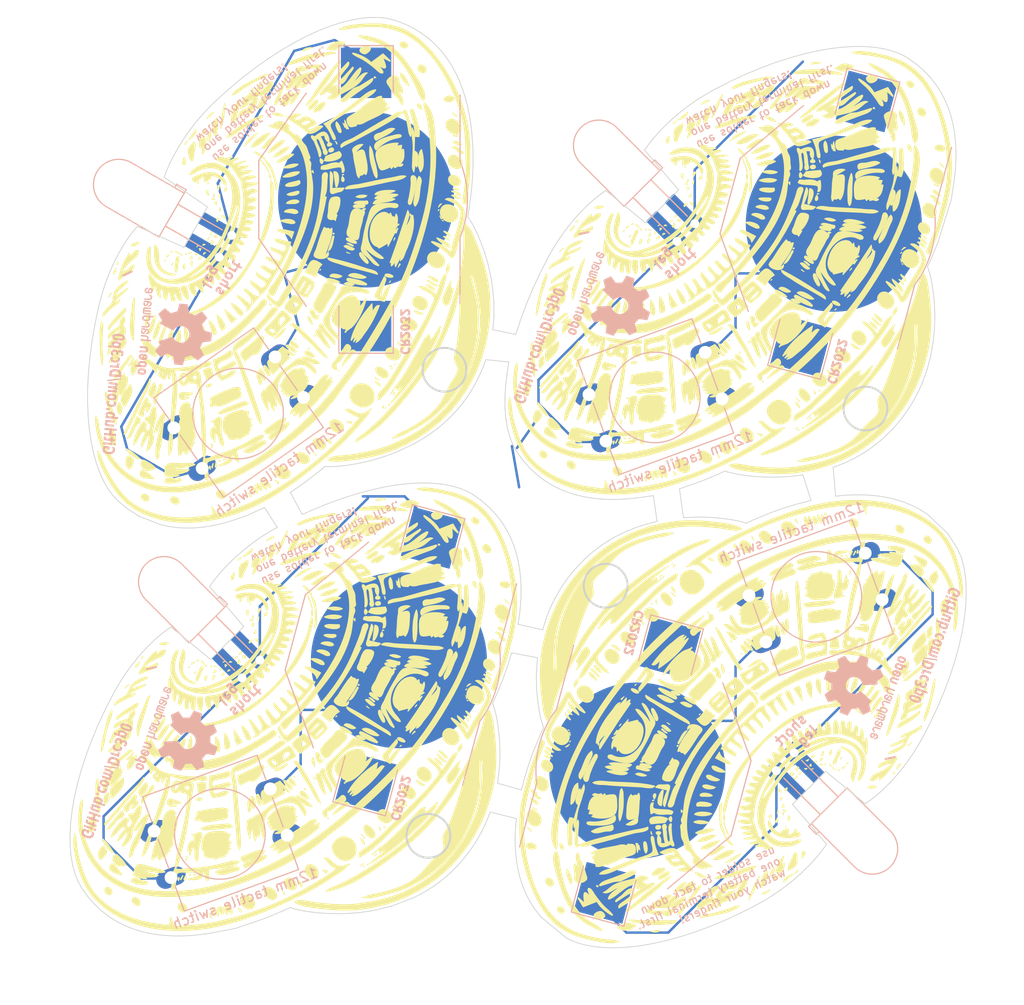
<source format=kicad_pcb>
(kicad_pcb (version 20221018) (generator pcbnew)
  (layers (0 "F.Cu" signal) (31 "B.Cu" signal) (34 "B.Paste" user) (35 "F.Paste" user) (36 "B.SilkS" user "B.Silkscreen") (37 "F.SilkS" user "F.Silkscreen") (38 "B.Mask" user) (39 "F.Mask" user) (44 "Edge.Cuts" user))
  (net 0 "")
  (footprint "mte_panelizing:ROUNED_TAB_SMALL" (layer "F.Cu") (at 160.248823 76.754584 -170)
    (fp_text reference "REF**" hide)
    (fp_text value "ROUNED_TAB_SMALL" hide)
  )
  (footprint "mte_panelizing:ROUNED_TAB_SMALL" (layer "F.Cu") (at 144.087176 106.689264 75)
    (fp_text reference "REF**" hide)
    (fp_text value "ROUNED_TAB_SMALL" hide)
  )
  (footprint "mte_panelizing:ROUNED_TAB_SMALL" (layer "F.Cu") (at 175.928915 74.792363 15)
    (fp_text reference "REF**" hide)
    (fp_text value "ROUNED_TAB_SMALL" hide)
  )
  (footprint "mte_panelizing:ROUNED_TAB_SMALL" (layer "F.Cu") (at 143.773235 106.735909 -100)
    (fp_text reference "REF**" hide)
    (fp_text value "ROUNED_TAB_SMALL" hide)
  )
  (footprint "mte_panelizing:ROUNED_TAB_SMALL" (layer "F.Cu") (at 146.283464 90.507811 80)
    (fp_text reference "REF**" hide)
    (fp_text value "ROUNED_TAB_SMALL" hide)
  )
  (footprint "mte_panelizing:ROUNED_TAB_SMALL" (layer "F.Cu") (at 160.480028 76.896732 15)
    (fp_text reference "REF**" hide)
    (fp_text value "ROUNED_TAB_SMALL" hide)
  )
  (footprint "mte_panelizing:ROUNED_TAB_SMALL" (layer "F.Cu") (at 143.14 60.55 -105)
    (fp_text reference "REF**" hide)
    (fp_text value "ROUNED_TAB_SMALL" hide)
  )
  (footprint "mte_panelizing:ROUNED_TAB_SMALL" (layer "F.Cu") (at 145.862791 90.562134 -100)
    (fp_text reference "REF**" hide)
    (fp_text value "ROUNED_TAB_SMALL" hide)
  )
  (footprint "mte_panelizing:ROUNED_TAB_SMALL" (layer "F.Cu") (at 121.371062 77.057613 -155)
    (fp_text reference "REF**" hide)
    (fp_text value "ROUNED_TAB_SMALL" hide)
  )
  (footprint "mte_panelizing:ROUNED_TAB_SMALL" (layer "F.Cu") (at 143.726133 60.653537 80)
    (fp_text reference "REF**" hide)
    (fp_text value "ROUNED_TAB_SMALL" hide)
  )
  (footprint "mte_panelizing:ROUNED_TAB_SMALL" (layer "F.Cu") (at 175.697707 74.650212 -170)
    (fp_text reference "REF**" hide)
    (fp_text value "ROUNED_TAB_SMALL" hide)
  )
  (footprint "mte_panelizing:ROUNED_TAB_SMALL" (layer "F.Cu") (at 121.457026 77.599003 30)
    (fp_text reference "REF**" hide)
    (fp_text value "ROUNED_TAB_SMALL" hide)
  )
  (footprint "Button_Switch_THT:SW_PUSH-12mm" (layer "B.Cu") (at 170.177822 90.624865 20)
    (fp_text reference "12mm tactile switch")
    (fp_text value "SW_PUSH-12mm")
  )
  (footprint "Battery:BatteryHolder_Keystone_3002_1x2032" (layer "B.Cu") (at 133.069415 92.474828 75)
    (fp_text reference "REF**" hide)
    (fp_text value "BatteryHolder_Keystone_3002_1x2032")
  )
  (footprint "LED_THT:LED_D5.0mm_Horizontal_O6.35mm_Z3.0mm" (layer "B.Cu") (at 173.029776 101.839198 -135)
    (fp_text reference "short leg" hide)
    (fp_text value "LED_D5.0mm_Horizontal_O6.35mm_Z3.0mm")
  )
  (footprint "Button_Switch_THT:SW_PUSH-12mm" (layer "B.Cu") (at 120.064501 105.474603 -160)
    (fp_text reference "12mm tactile switch")
    (fp_text value "SW_PUSH-12mm")
  )
  (footprint "Symbol:OSHW-Logo2_9.8x8mm_SilkScreen" (layer "B.Cu") (at 179.676582 95.227749 -110)
    (fp_text reference "REF**" hide)
    (fp_text value "OSHW-Logo2_9.8x8mm_SilkScreen" hide)
  )
  (footprint "Battery:BatteryHolder_Keystone_3002_1x2032" (layer "B.Cu") (at 177.040418 48.342289 75)
    (fp_text reference "REF**" hide)
    (fp_text value "BatteryHolder_Keystone_3002_1x2032")
  )
  (footprint "Symbol:OSHW-Logo2_9.8x8mm_SilkScreen" (layer "B.Cu") (at 110.429265 59.475965 85)
    (fp_text reference "REF**" hide)
    (fp_text value "OSHW-Logo2_9.8x8mm_SilkScreen" hide)
  )
  (footprint "Battery:BatteryHolder_Keystone_3002_1x2032" (layer "B.Cu") (at 129.750689 45.886083 90)
    (fp_text reference "REF**" hide)
    (fp_text value "BatteryHolder_Keystone_3002_1x2032")
  )
  (footprint "Button_Switch_THT:SW_PUSH-12mm" (layer "B.Cu") (at 164.035505 61.342066 -160)
    (fp_text reference "12mm tactile switch")
    (fp_text value "SW_PUSH-12mm")
  )
  (footprint "LED_THT:LED_D5.0mm_Horizontal_O6.35mm_Z3.0mm" (layer "B.Cu") (at 161.183552 50.127737 45)
    (fp_text reference "short leg" hide)
    (fp_text value "LED_D5.0mm_Horizontal_O6.35mm_Z3.0mm")
  )
  (footprint "LED_THT:LED_D5.0mm_Horizontal_O6.35mm_Z3.0mm" (layer "B.Cu") (at 114.896239 51.714744 60)
    (fp_text reference "short leg" hide)
    (fp_text value "LED_D5.0mm_Horizontal_O6.35mm_Z3.0mm")
  )
  (footprint "Symbol:OSHW-Logo2_9.8x8mm_SilkScreen" (layer "B.Cu") (at 154.839455 56.425265 70)
    (fp_text reference "REF**" hide)
    (fp_text value "OSHW-Logo2_9.8x8mm_SilkScreen" hide)
  )
  (footprint "Button_Switch_THT:SW_PUSH-12mm" (layer "B.Cu") (at 120.553498 61.808822 -145)
    (fp_text reference "12mm tactile switch")
    (fp_text value "SW_PUSH-12mm")
  )
  (footprint "LED_THT:LED_D5.0mm_Horizontal_O6.35mm_Z3.0mm" (layer "B.Cu") (at 117.212549 94.260274 45)
    (fp_text reference "short leg" hide)
    (fp_text value "LED_D5.0mm_Horizontal_O6.35mm_Z3.0mm")
  )
  (footprint "Battery:BatteryHolder_Keystone_3002_1x2032" (layer "B.Cu") (at 157.172908 103.624644 -105)
    (fp_text reference "REF**" hide)
    (fp_text value "BatteryHolder_Keystone_3002_1x2032")
  )
  (footprint "Symbol:OSHW-Logo2_9.8x8mm_SilkScreen" (layer "B.Cu") (at 111.104902 100.407306 70)
    (fp_text reference "REF**" hide)
    (fp_text value "OSHW-Logo2_9.8x8mm_SilkScreen" hide)
  )
  (gr_poly (pts (xy 163.02203 47.58215) (xy 162.244213 48.359964) (xy 160.087533 46.203292) (xy 160.865357 45.425475)) (stroke (width 0.2)) (fill solid) (layer "B.Cu"))
  (gr_poly (pts (xy 116.013227 48.78006) (xy 115.46323 49.73269) (xy 112.865153 48.232698) (xy 113.415153 47.280065)) (stroke (width 0.2)) (fill solid) (layer "B.Cu"))
  (gr_poly (pts (xy 171.191298 104.384782) (xy 171.969121 103.606965) (xy 174.090436 105.728284) (xy 173.312619 106.506104)) (stroke (width 0.2)) (fill solid) (layer "B.Cu"))
  (gr_poly (pts (xy 117.230227 93.358711) (xy 116.293309 94.295628) (xy 114.278057 92.280378) (xy 115.214977 91.343456)) (stroke (width 0.2)) (fill solid) (layer "B.Cu"))
  (gr_poly (pts (xy 173.0121 102.740759) (xy 173.949019 101.803843) (xy 175.981949 103.836774) (xy 175.045032 104.77369)) (stroke (width 0.2)) (fill solid) (layer "B.Cu"))
  (gr_poly (pts (xy 114.679975 50.839319) (xy 114.017472 51.986814) (xy 111.527646 50.549316) (xy 112.190149 49.401831)) (stroke (width 0.2)) (fill solid) (layer "B.Cu"))
  (gr_poly (pts (xy 119.051029 91.714685) (xy 118.273209 92.492499) (xy 116.169564 90.388862) (xy 116.947385 89.611045)) (stroke (width 0.2)) (fill solid) (layer "B.Cu"))
  (gr_poly (pts (xy 161.201228 49.226174) (xy 160.264311 50.16309) (xy 158.196028 48.094807) (xy 159.132946 47.157885)) (stroke (width 0.2)) (fill solid) (layer "B.Cu"))
  (gr_line (start 183.203159 102.262038) (end 182.266245 102.456496) (stroke (width 0.2)) (layer "B.SilkS"))
  (gr_line (start 151.312874 49.390974) (end 152.249792 49.19652) (stroke (width 0.2)) (layer "B.SilkS"))
  (gr_line (start 105.202239 53.594106) (end 106.056911 53.163789) (stroke (width 0.2)) (layer "B.SilkS"))
  (gr_line (start 107.578315 93.373018) (end 108.515236 93.178561) (stroke (width 0.2)) (layer "B.SilkS"))
  (gr_poly (pts (xy 131.996759 66.68152) (xy 132.140597 66.531581) (xy 132.183529 66.556371) (xy 132.082655 66.731113)) (stroke (width 0.078996)) (fill solid) (layer "F.SilkS"))
  (gr_poly (pts (xy 178.70267 83.813247) (xy 178.562021 83.672596) (xy 178.72003 83.374319)) (stroke (width 0.078996)) (fill solid) (layer "F.SilkS"))
  (gr_poly (pts (xy 112.165261 65.579569) (xy 112.144343 65.595862) (xy 112.118604 65.610898) (xy 112.088468 65.624807) (xy 112.054396 65.63774) (xy 112.016836 65.649816) (xy 111.933018 65.671916) (xy 111.840613 65.692188) (xy 111.644351 65.731439) (xy 111.547652 65.752534) (xy 111.456702 65.776023) (xy 111.375065 65.802959) (xy 111.338858 65.818049) (xy 111.306323 65.834399) (xy 111.277923 65.852149) (xy 111.254084 65.871423) (xy 111.235253 65.892332) (xy 111.221894 65.915042) (xy 111.856174 65.908534) (xy 111.822938 65.931853) (xy 111.785084 65.955494) (xy 111.743109 65.979023) (xy 111.697527 66.002056) (xy 111.648867 66.0242) (xy 111.597655 66.045043) (xy 111.544376 66.064213) (xy 111.489577 66.081293) (xy 111.433761 66.095904) (xy 111.377446 66.107634) (xy 111.321152 66.116085) (xy 111.265393 66.120866) (xy 111.237869 66.121761) (xy 111.21069 66.121575) (xy 111.183887 66.120287) (xy 111.157552 66.117828) (xy 111.131731 66.11416) (xy 111.106506 66.10923) (xy 111.081923 66.102965) (xy 111.05805 66.095361) (xy 111.041016 66.088135) (xy 111.024554 66.078868) (xy 111.008713 66.067715) (xy 110.993483 66.054781) (xy 110.97891 66.040201) (xy 110.964993 66.024119) (xy 110.95176 66.006644) (xy 110.93923 65.987909) (xy 110.927411 65.968037) (xy 110.916332 65.947176) (xy 110.906013 65.92543) (xy 110.896453 65.902959) (xy 110.879741 65.856287) (xy 110.866338 65.808189) (xy 110.856378 65.759696) (xy 110.850032 65.711829) (xy 110.847418 65.665636) (xy 110.848705 65.622135) (xy 110.850859 65.601709) (xy 110.854036 65.582349) (xy 110.858251 65.564181) (xy 110.863544 65.547324) (xy 110.869922 65.531909) (xy 110.877387 65.518073) (xy 110.885963 65.505941) (xy 110.895701 65.495627) (xy 110.918293 65.477553) (xy 110.943471 65.461837) (xy 110.971054 65.448338) (xy 111.000927 65.436942) (xy 111.03292 65.4275) (xy 111.066878 65.419873) (xy 111.140087 65.409562) (xy 111.219305 65.404923) (xy 111.303356 65.404875) (xy 111.390971 65.408334) (xy 111.48095 65.414228) (xy 111.663071 65.428995) (xy 111.839919 65.440524) (xy 111.923308 65.442381) (xy 112.001693 65.440176) (xy 112.07387 65.432883) (xy 112.107246 65.426951) (xy 112.138609 65.419343) (xy 112.164084 65.448109) (xy 112.181598 65.474699) (xy 112.191571 65.499234) (xy 112.194496 65.521869) (xy 112.190779 65.542702) (xy 112.180891 65.561893)) (stroke (width 0.078996)) (fill solid) (layer "F.SilkS"))
  (gr_poly (pts (xy 118.901195 100.025657) (xy 118.855917 100.062292) (xy 118.8065 100.095837) (xy 118.753968 100.12623) (xy 118.699332 100.153398) (xy 118.643629 100.177258) (xy 118.587869 100.19775) (xy 118.533078 100.214785) (xy 118.480264 100.228297) (xy 118.430456 100.238226) (xy 118.384675 100.244479) (xy 118.641466 99.98769) (xy 117.923746 98.528241) (xy 117.980824 98.471161) (xy 118.043642 98.515699) (xy 118.102777 98.5632) (xy 118.158621 98.613373) (xy 118.211556 98.665938) (xy 118.261966 98.720585) (xy 118.310232 98.777055) (xy 118.356748 98.83503) (xy 118.401892 98.894239) (xy 118.489612 99.015203) (xy 118.576473 99.137608) (xy 118.665557 99.259155) (xy 118.711892 99.318886) (xy 118.759934 99.377536) (xy 118.778114 99.398167) (xy 118.797527 99.418924) (xy 118.83881 99.460999) (xy 118.881372 99.504083) (xy 118.902378 99.526091) (xy 118.922798 99.548464) (xy 118.942332 99.571243) (xy 118.960675 99.594458) (xy 118.977524 99.61815) (xy 118.992585 99.642364) (xy 118.99934 99.654675) (xy 119.005541 99.667128) (xy 119.011137 99.679733) (xy 119.016103 99.692486) (xy 119.020391 99.705406) (xy 119.023966 99.718476) (xy 119.026791 99.731718) (xy 119.028827 99.745125) (xy 119.030658 99.772276) (xy 119.029805 99.798749) (xy 119.026382 99.824569) (xy 119.020521 99.849719) (xy 119.01235 99.874191) (xy 119.001995 99.897965) (xy 118.989593 99.92105) (xy 118.975257 99.943419) (xy 118.95912 99.965083) (xy 118.941315 99.986003) (xy 118.921961 100.006206)) (stroke (width 0.078996)) (fill solid) (layer "F.SilkS"))
  (gr_poly (pts (xy 151.617181 111.017) (xy 151.93172 110.903191) (xy 152.250606 110.796199) (xy 152.573328 110.695329) (xy 153.228255 110.509267) (xy 153.892457 110.339569) (xy 156.560971 109.7158) (xy 156.665136 109.691176) (xy 156.770312 109.668661) (xy 156.982892 109.628241) (xy 157.411315 109.553974) (xy 157.623916 109.513326) (xy 157.729107 109.490633) (xy 157.833288 109.4658) (xy 157.936254 109.438396) (xy 158.0378 109.407997) (xy 158.137735 109.374181) (xy 158.235849 109.336516) (xy 158.25356 109.381541) (xy 158.262686 109.423977) (xy 158.263692 109.463919) (xy 158.257033 109.50145) (xy 158.243196 109.536673) (xy 158.222626 109.569672) (xy 158.195794 109.600544) (xy 158.163169 109.629377) (xy 158.125216 109.656266) (xy 158.082396 109.681298) (xy 158.03518 109.704574) (xy 157.984024 109.726179) (xy 157.871778 109.764744) (xy 157.749372 109.797727) (xy 157.620539 109.825874) (xy 157.48899 109.849908) (xy 157.232646 109.888586) (xy 157.01012 109.919644) (xy 156.920839 109.934152) (xy 156.851175 109.948962) (xy 156.33443 110.086657) (xy 155.819398 110.230265) (xy 154.791095 110.524434) (xy 153.759485 110.809889) (xy 153.240326 110.942607) (xy 152.717798 111.065057) (xy 152.650888 111.08187) (xy 152.574815 111.103759) (xy 152.400596 111.157005) (xy 152.206006 111.213306) (xy 152.104463 111.239009) (xy 152.001901 111.261161) (xy 151.899674 111.278337) (xy 151.84911 111.284604) (xy 151.799139 111.289087) (xy 151.749932 111.291603) (xy 151.701653 111.291976) (xy 151.654479 111.290028) (xy 151.608578 111.285579) (xy 151.564116 111.278442) (xy 151.521265 111.268445) (xy 151.480194 111.255403) (xy 151.441073 111.239143) (xy 151.404074 111.219477) (xy 151.369365 111.196239) (xy 151.337111 111.169234) (xy 151.307486 111.138291)) (stroke (width 0.078996)) (fill solid) (layer "F.SilkS"))
  (gr_poly (pts (xy 127.05803 54.258193) (xy 127.033533 54.271135) (xy 127.004381 54.28283) (xy 126.970918 54.293229) (xy 126.892611 54.310124) (xy 126.801493 54.321608) (xy 126.700538 54.327497) (xy 126.592661 54.327612) (xy 126.480765 54.321744) (xy 126.367815 54.309732) (xy 126.256698 54.291342) (xy 126.150375 54.266397) (xy 126.099911 54.251425) (xy 126.051749 54.234735) (xy 126.006237 54.216317) (xy 125.963747 54.196127) (xy 125.924658 54.174174) (xy 125.889319 54.150413) (xy 125.858095 54.124813) (xy 125.831361 54.097365) (xy 125.809468 54.068047) (xy 125.792816 54.036838) (xy 125.781725 54.003694) (xy 125.776611 53.968603) (xy 125.776601 53.956888) (xy 125.777854 53.946081) (xy 125.7803 53.936121) (xy 125.783872 53.927) (xy 125.788521 53.918684) (xy 125.794163 53.911125) (xy 125.800737 53.904319) (xy 125.808196 53.898211) (xy 125.816461 53.892772) (xy 125.825469 53.887993) (xy 125.835151 53.883816) (xy 125.845472 53.880215) (xy 125.856342 53.877179) (xy 125.867705 53.874666) (xy 125.89165 53.87104) (xy 125.916802 53.869127) (xy 125.942657 53.868665) (xy 125.968682 53.869395) (xy 125.994399 53.871071) (xy 126.019277 53.873446) (xy 126.042822 53.876281) (xy 126.083824 53.882284) (xy 126.211082 53.904265) (xy 126.341066 53.930728) (xy 126.406519 53.945979) (xy 126.471971 53.96275) (xy 126.537207 53.981176) (xy 126.602001 54.001397) (xy 126.666126 54.023549) (xy 126.729364 54.047772) (xy 126.79149 54.074184) (xy 126.852263 54.10295) (xy 126.911488 54.134173) (xy 126.968912 54.168001) (xy 127.024336 54.204575) (xy 127.077516 54.244026)) (stroke (width 0.078996)) (fill solid) (layer "F.SilkS"))
  (gr_poly (pts (xy 134.09577 78.446404) (xy 134.074665 78.464832) (xy 134.053923 78.481916) (xy 133.990108 78.532844) (xy 133.894236 78.615807) (xy 133.795459 78.695536) (xy 133.593656 78.850107) (xy 133.492877 78.927382) (xy 133.393672 79.006255) (xy 133.29716 79.087962) (xy 133.250261 79.130247) (xy 133.204457 79.1737) (xy 132.928625 79.433003) (xy 132.643503 79.684488) (xy 132.350378 79.928683) (xy 132.050556 80.166117) (xy 131.745333 80.397327) (xy 131.435998 80.622834) (xy 131.123852 80.843197) (xy 130.810189 81.058926) (xy 130.739446 81.108395) (xy 130.671236 81.158612) (xy 130.540352 81.260078) (xy 130.413439 81.360885) (xy 130.286391 81.458581) (xy 130.221528 81.5055) (xy 130.155102 81.550726) (xy 130.086581 81.593949) (xy 130.015469 81.634866) (xy 129.941244 81.673174) (xy 129.863396 81.70857) (xy 129.781406 81.740732) (xy 129.694771 81.769374) (xy 129.729558 81.709654) (xy 129.768625 81.653744) (xy 129.811508 81.601211) (xy 129.857718 81.551644) (xy 129.906799 81.504616) (xy 129.958266 81.459704) (xy 130.011651 81.416496) (xy 130.066485 81.374567) (xy 130.290831 81.211176) (xy 130.345804 81.169304) (xy 130.399392 81.126189) (xy 130.451116 81.0814) (xy 130.500509 81.034521) (xy 130.790847 80.751375) (xy 131.090695 80.472162) (xy 131.399099 80.198118) (xy 131.715124 79.930489) (xy 132.037821 79.670492) (xy 132.366253 79.41938) (xy 132.699472 79.178379) (xy 133.03653 78.948723) (xy 133.142677 78.877554) (xy 133.248007 78.804973) (xy 133.456546 78.656525) (xy 133.662783 78.505301) (xy 133.867331 78.35321) (xy 133.878279 78.34441) (xy 133.891198 78.333058) (xy 133.92211 78.305025) (xy 133.939663 78.289512) (xy 133.958344 78.27378) (xy 133.977919 78.258392) (xy 133.998177 78.243954) (xy 134.018915 78.231023) (xy 134.029384 78.225311) (xy 134.039899 78.220195) (xy 134.050427 78.215751) (xy 134.060931 78.212045) (xy 134.071391 78.209164) (xy 134.081786 78.207165) (xy 134.09208 78.206119) (xy 134.102247 78.20611) (xy 134.112267 78.207212) (xy 134.122109 78.209487) (xy 134.131745 78.213011) (xy 134.141145 78.217862) (xy 134.150292 78.22411) (xy 134.159152 78.231823) (xy 134.168739 78.242206) (xy 134.1764 78.252779) (xy 134.182243 78.263506) (xy 134.186363 78.274377) (xy 134.18885 78.285349) (xy 134.189801 78.296416) (xy 134.189317 78.307539) (xy 134.187501 78.318697) (xy 134.184422 78.329865) (xy 134.180203 78.341023) (xy 134.174921 78.352142) (xy 134.168686 78.363202) (xy 134.153718 78.385027) (xy 134.136071 78.4063) (xy 134.116499 78.426825)) (stroke (width 0.078996)) (fill solid) (layer "F.SilkS"))
  (gr_poly (pts (xy 114.141437 64.628656) (xy 114.115112 64.664502) (xy 114.086701 64.698364) (xy 114.071678 64.714431) (xy 114.056142 64.729849) (xy 114.040067 64.744581) (xy 114.023457 64.758571) (xy 114.006351 64.771767) (xy 113.988687 64.784131) (xy 113.970515 64.795608) (xy 113.95181 64.806146) (xy 113.93258 64.815707) (xy 113.912818 64.824229) (xy 113.892537 64.831673) (xy 113.871737 64.837991) (xy 113.850398 64.843131) (xy 113.828558 64.847045) (xy 113.806181 64.849679) (xy 113.783295 64.851005) (xy 113.759867 64.850945) (xy 113.735934 64.849466) (xy 113.711477 64.846538) (xy 113.686497 64.842071) (xy 113.660994 64.836048) (xy 113.634967 64.828403) (xy 113.608436 64.819115) (xy 113.581379 64.808101) (xy 113.591576 64.786565) (xy 113.602365 64.766093) (xy 113.613739 64.74664) (xy 113.625697 64.728206) (xy 113.638234 64.710766) (xy 113.651344 64.694307) (xy 113.665043 64.678801) (xy 113.679292 64.664261) (xy 113.694126 64.650635) (xy 113.709535 64.637917) (xy 113.725498 64.626086) (xy 113.742044 64.615135) (xy 113.759139 64.605032) (xy 113.77679 64.595771) (xy 113.794993 64.587333) (xy 113.813772 64.579704) (xy 113.833079 64.572857) (xy 113.852957 64.566777) (xy 113.87337 64.56143) (xy 113.894344 64.556848) (xy 113.937911 64.549788) (xy 113.983614 64.545449) (xy 114.031465 64.543697) (xy 114.081445 64.544383) (xy 114.133519 64.547364) (xy 114.187675 64.552518) (xy 114.165626 64.591189)) (stroke (width 0.078996)) (fill solid) (layer "F.SilkS"))
  (gr_poly (pts (xy 180.509862 105.31568) (xy 180.529808 105.299198) (xy 180.551339 105.283676) (xy 180.574354 105.269124) (xy 180.598747 105.255546) (xy 180.624422 105.242938) (xy 180.651279 105.231314) (xy 180.679207 105.220676) (xy 180.708115 105.211025) (xy 180.737895 105.202365) (xy 180.799669 105.188041) (xy 180.863723 105.17773) (xy 180.929239 105.171474) (xy 180.995401 105.1693) (xy 181.061407 105.171242) (xy 181.12644 105.177333) (xy 181.158334 105.181946) (xy 181.189687 105.187606) (xy 181.220383 105.194322) (xy 181.250332 105.202093) (xy 181.279426 105.210924) (xy 181.307571 105.220822) (xy 181.334654 105.231792) (xy 181.36058 105.243832) (xy 181.337126 105.262672) (xy 181.313396 105.280347) (xy 181.289383 105.296887) (xy 181.265084 105.312298) (xy 181.240501 105.326609) (xy 181.215636 105.339842) (xy 181.190474 105.352016) (xy 181.165027 105.363144) (xy 181.139279 105.373254) (xy 181.113239 105.382366) (xy 181.060255 105.397671) (xy 181.006054 105.409219) (xy 180.950623 105.417174) (xy 180.89394 105.421699) (xy 180.835986 105.422949) (xy 180.776744 105.421095) (xy 180.716193 105.416294) (xy 180.654315 105.40871) (xy 180.591093 105.398504) (xy 180.526512 105.385843) (xy 180.460548 105.370881) (xy 180.475129 105.351528) (xy 180.4916 105.333129)) (stroke (width 0.078996)) (fill solid) (layer "F.SilkS"))
  (gr_poly (pts (xy 112.409611 39.338137) (xy 112.351603 39.414331) (xy 112.288178 39.48785) (xy 112.220882 39.557728) (xy 112.15127 39.622998) (xy 112.080879 39.682664) (xy 112.011264 39.735766) (xy 111.943989 39.781335) (xy 111.88057 39.818363) (xy 111.822587 39.845886) (xy 112.533851 38.812316) (xy 112.547622 38.845466) (xy 112.557128 38.879803) (xy 112.562595 38.915172) (xy 112.56416 38.951452) (xy 112.562064 38.988544) (xy 112.556476 39.026306) (xy 112.547616 39.064621) (xy 112.535633 39.103376) (xy 112.520766 39.142447) (xy 112.503176 39.181696) (xy 112.460646 39.260281)) (stroke (width 0.078996)) (fill solid) (layer "F.SilkS"))
  (gr_poly (pts (xy 150.684145 108.460793) (xy 150.719216 108.495858) (xy 150.710262 108.715201) (xy 150.682211 108.826951) (xy 150.657961 108.940234) (xy 150.637203 109.054907) (xy 150.619645 109.170823) (xy 150.604976 109.287841) (xy 150.592904 109.405818) (xy 150.583118 109.524604) (xy 150.575325 109.644058) (xy 150.564492 109.884385) (xy 150.557995 110.125648) (xy 150.548353 110.606348) (xy 150.548189 110.641953) (xy 150.549076 110.681824) (xy 150.552185 110.771228) (xy 150.554051 110.868343) (xy 150.553387 110.917849) (xy 150.55105 110.966951) (xy 150.546585 111.014875) (xy 150.539547 111.060843) (xy 150.534912 111.082848) (xy 150.529472 111.104074) (xy 150.523153 111.124419) (xy 150.515909 111.143796) (xy 150.507683 111.162095) (xy 150.498411 111.179229) (xy 150.488042 111.195093) (xy 150.476518 111.209597) (xy 150.463782 111.222641) (xy 150.449781 111.234124) (xy 150.43445 111.243952) (xy 150.41774 111.25203) (xy 150.391421 111.260773) (xy 150.367014 111.264689) (xy 150.34445 111.264057) (xy 150.32365 111.259155) (xy 150.304549 111.250263) (xy 150.287073 111.237651) (xy 150.271152 111.2216) (xy 150.256711 111.202391) (xy 150.24368 111.180294) (xy 150.231993 111.155591) (xy 150.221567 111.128559) (xy 150.212344 111.099472) (xy 150.204242 111.068612) (xy 150.197195 111.036253) (xy 150.185975 110.968146) (xy 150.178113 110.897377) (xy 150.173033 110.826154) (xy 150.170167 110.756701) (xy 150.168943 110.691232) (xy 150.169025 110.51358) (xy 150.141028 109.962585) (xy 150.132002 109.677829) (xy 150.131165 109.535353) (xy 150.133712 109.393655) (xy 150.140335 109.253374) (xy 150.151723 109.115136) (xy 150.168582 108.979585) (xy 150.191603 108.847337) (xy 150.221481 108.719042) (xy 150.258914 108.595322) (xy 150.304592 108.476815) (xy 150.330743 108.419712) (xy 150.359216 108.364155)) (stroke (width 0.078996)) (fill solid) (layer "F.SilkS"))
  (gr_poly (pts (xy 178.828309 52.84192) (xy 178.863366 52.876973) (xy 178.663655 53.07669)) (stroke (width 0.078996)) (fill solid) (layer "F.SilkS"))
  (gr_poly (pts (xy 160.467474 98.957993) (xy 160.438954 98.986516) (xy 160.164964 98.769569)) (stroke (width 0.078996)) (fill solid) (layer "F.SilkS"))
  (gr_poly (pts (xy 110.962395 114.619121) (xy 111.206266 114.234977) (xy 111.241323 114.270039) (xy 111.032518 114.689254)) (stroke (width 0.078996)) (fill solid) (layer "F.SilkS"))
  (gr_poly (pts (xy 112.702584 60.360421) (xy 112.694499 60.370258) (xy 112.685172 60.378943) (xy 112.674537 60.386385) (xy 112.662536 60.392509) (xy 112.649096 60.397202) (xy 112.634167 60.400382) (xy 112.617675 60.401965) (xy 112.59956 60.401859) (xy 112.582575 60.400185) (xy 112.566466 60.397012) (xy 112.551206 60.392401) (xy 112.536772 60.386475) (xy 112.523123 60.379261) (xy 112.510263 60.370887) (xy 112.49812 60.361399) (xy 112.486721 60.350902) (xy 112.476001 60.33945) (xy 112.465953 60.327159) (xy 112.456533 60.314078) (xy 112.447724 60.300297) (xy 112.439518 60.285915) (xy 112.431858 60.270974) (xy 112.418108 60.239823) (xy 112.40628 60.207498) (xy 112.396147 60.174629) (xy 112.387503 60.141864) (xy 112.380144 60.109851) (xy 112.359275 60.002177) (xy 112.29351 59.705795) (xy 112.261957 59.555327) (xy 112.248194 59.480092) (xy 112.23641 59.405094) (xy 112.227098 59.330505) (xy 112.220708 59.256493) (xy 112.217743 59.183191) (xy 112.218687 59.110802) (xy 112.224004 59.039476) (xy 112.234181 58.969393) (xy 112.249707 58.900703) (xy 112.25962 58.866938) (xy 112.271043 58.833589) (xy 112.313486 58.899721) (xy 112.352874 58.968083) (xy 112.389394 59.038445) (xy 112.423236 59.11051) (xy 112.454598 59.184008) (xy 112.483651 59.258663) (xy 112.510588 59.334204) (xy 112.535629 59.410367) (xy 112.558939 59.486858) (xy 112.580703 59.563438) (xy 112.62039 59.71567) (xy 112.689707 60.008965) (xy 112.701612 60.058016) (xy 112.715051 60.118456) (xy 112.721061 60.151161) (xy 112.725921 60.184606) (xy 112.729147 60.218038) (xy 112.730197 60.25078) (xy 112.729755 60.266656) (xy 112.728578 60.282096) (xy 112.726611 60.296994) (xy 112.723772 60.311277) (xy 112.720019 60.324847) (xy 112.715282 60.337628) (xy 112.709485 60.349509)) (stroke (width 0.078996)) (fill solid) (layer "F.SilkS"))
  (gr_poly (pts (xy 130.989233 96.483615) (xy 130.970917 96.49179) (xy 130.948768 96.495769) (xy 130.923122 96.495777) (xy 130.894297 96.492049) (xy 130.862623 96.484817) (xy 130.792026 96.460786) (xy 130.713913 96.425557) (xy 130.630893 96.380999) (xy 130.545567 96.329007) (xy 130.460513 96.271419) (xy 130.378344 96.210133) (xy 130.301667 96.147011) (xy 130.233056 96.083935) (xy 130.175126 96.022769) (xy 130.130465 95.965389) (xy 130.113924 95.938704) (xy 130.101675 95.913666) (xy 130.094046 95.890514) (xy 130.091356 95.869483) (xy 130.09378 95.831006) (xy 130.101451 95.799437) (xy 130.114002 95.774442) (xy 130.131089 95.755701) (xy 130.15236 95.74287) (xy 130.177455 95.735637) (xy 130.206035 95.733662) (xy 130.237731 95.736611) (xy 130.272203 95.744168) (xy 130.309084 95.755994) (xy 130.348033 95.77177) (xy 130.3887 95.791162) (xy 130.473738 95.839472) (xy 130.561399 95.898295) (xy 130.648853 95.965) (xy 130.733267 96.036951) (xy 130.811826 96.111522) (xy 130.881709 96.186074) (xy 130.940092 96.257991) (xy 130.984151 96.324614) (xy 130.999924 96.355125) (xy 131.011059 96.383331) (xy 131.017206 96.408898) (xy 131.018003 96.431501) (xy 131.013106 96.453707) (xy 131.003409 96.470994)) (stroke (width 0.078996)) (fill solid) (layer "F.SilkS"))
  (gr_poly (pts (xy 110.526264 53.244693) (xy 110.505469 53.213713) (xy 110.487349 53.181327) (xy 110.471782 53.147606) (xy 110.458638 53.112659) (xy 110.447786 53.076582) (xy 110.43911 53.039475) (xy 110.432455 53.001432) (xy 110.424724 52.92293) (xy 110.423561 52.841835) (xy 110.427929 52.758932) (xy 110.436772 52.674995) (xy 110.44905 52.590818) (xy 110.463738 52.507132) (xy 110.49612 52.344436) (xy 110.525585 52.193101) (xy 110.536607 52.123624) (xy 110.543782 52.059313) (xy 110.549409 51.950908) (xy 110.551428 51.921291) (xy 110.554258 51.891439) (xy 110.558175 51.861745) (xy 110.563484 51.832556) (xy 110.570451 51.80429) (xy 110.579354 51.777316) (xy 110.584623 51.764436) (xy 110.590486 51.752012) (xy 110.596976 51.740103) (xy 110.604132 51.728762) (xy 110.611989 51.718038) (xy 110.620569 51.707974) (xy 110.629923 51.698599) (xy 110.640093 51.689996) (xy 110.651096 51.682175) (xy 110.662975 51.675211) (xy 110.675748 51.669151) (xy 110.689489 51.664026) (xy 110.71287 51.657968) (xy 110.733822 51.65562) (xy 110.752439 51.656769) (xy 110.768818 51.661198) (xy 110.783086 51.668693) (xy 110.795349 51.67905) (xy 110.805716 51.69203) (xy 110.81428 51.707418) (xy 110.821172 51.725006) (xy 110.826491 51.744563) (xy 110.830347 51.765894) (xy 110.832852 51.788761) (xy 110.834227 51.838249) (xy 110.831523 51.89129) (xy 110.825588 51.946144) (xy 110.81728 52.001081) (xy 110.797131 52.104208) (xy 110.766993 52.234763) (xy 110.747927 52.34131) (xy 110.730317 52.448135) (xy 110.722361 52.501747) (xy 110.715131 52.555552) (xy 110.708746 52.60959) (xy 110.703331 52.663896) (xy 110.69542 52.747872) (xy 110.686251 52.828306) (xy 110.674823 52.905883) (xy 110.667961 52.943804) (xy 110.660178 52.981272) (xy 110.651356 53.018352) (xy 110.641343 53.055106) (xy 110.630047 53.091679) (xy 110.617326 53.128102) (xy 110.603084 53.164492) (xy 110.587165 53.200893) (xy 110.569493 53.237426) (xy 110.549892 53.274146)) (stroke (width 0.078996)) (fill solid) (layer "F.SilkS"))
  (gr_poly (pts (xy 127.209622 88.126644) (xy 127.173191 88.151353) (xy 127.132501 88.173739) (xy 127.087856 88.193865) (xy 127.039559 88.211777) (xy 126.987918 88.227536) (xy 126.933229 88.241207) (xy 126.875807 88.25284) (xy 126.753951 88.270214) (xy 126.624786 88.280119) (xy 126.490751 88.283008) (xy 126.354255 88.279341) (xy 126.217755 88.269568) (xy 126.083671 88.254146) (xy 125.954434 88.233533) (xy 125.832478 88.208174) (xy 125.720239 88.178539) (xy 125.620139 88.145071) (xy 125.534614 88.108231) (xy 125.568618 88.08414) (xy 125.605931 88.061458) (xy 125.646354 88.040182) (xy 125.689691 88.020317) (xy 125.784322 87.984807) (xy 125.88826 87.954942) (xy 125.999932 87.930712) (xy 126.11778 87.912141) (xy 126.24022 87.899215) (xy 126.365692 87.891953) (xy 126.492626 87.890348) (xy 126.619451 87.89441) (xy 126.744599 87.904144) (xy 126.86651 87.919548) (xy 126.983604 87.940636) (xy 127.094314 87.967404) (xy 127.197076 87.999861) (xy 127.244989 88.018222) (xy 127.290314 88.038013) (xy 127.268491 88.070025) (xy 127.241492 88.099556)) (stroke (width 0.078996)) (fill solid) (layer "F.SilkS"))
  (gr_poly (pts (xy 133.273684 60.197421) (xy 133.314005 60.127557) (xy 133.898651 60.604834) (xy 133.858298 60.674729)) (stroke (width 0.078996)) (fill solid) (layer "F.SilkS"))
  (gr_poly (pts (xy 114.685368 49.688736) (xy 114.67607 49.699876) (xy 114.66559 49.709653) (xy 114.654069 49.718141) (xy 114.641603 49.725333) (xy 114.628341 49.731248) (xy 114.614402 49.73591) (xy 114.599898 49.739343) (xy 114.584976 49.741562) (xy 114.569742 49.742585) (xy 114.554333 49.742425) (xy 114.538872 49.741117) (xy 114.523467 49.738674) (xy 114.508264 49.735114) (xy 114.493379 49.730457) (xy 114.478925 49.724738) (xy 114.465041 49.717941) (xy 114.451869 49.710115) (xy 114.439483 49.701285) (xy 114.428056 49.69143) (xy 114.417703 49.680617) (xy 114.408514 49.66884) (xy 114.400662 49.656131) (xy 114.394244 49.642488) (xy 114.389376 49.627955) (xy 114.386218 49.61254) (xy 114.384858 49.596274) (xy 114.385443 49.579154) (xy 114.388091 49.561222) (xy 114.392339 49.544525) (xy 114.398077 49.529218) (xy 114.405199 49.515277) (xy 114.413606 49.50268) (xy 114.423151 49.491428) (xy 114.433747 49.481495) (xy 114.445269 49.472868) (xy 114.457627 49.465527) (xy 114.470688 49.459427) (xy 114.484342 49.454609) (xy 114.49849 49.451004) (xy 114.512998 49.448632) (xy 114.527772 49.447455) (xy 114.54269 49.447451) (xy 114.557632 49.448611) (xy 114.57252 49.450941) (xy 114.587207 49.454398) (xy 114.601579 49.458952) (xy 114.615558 49.464631) (xy 114.628991 49.471363) (xy 114.641802 49.479194) (xy 114.653842 49.488046) (xy 114.665029 49.497934) (xy 114.67524 49.508833) (xy 114.684365 49.520734) (xy 114.69228 49.533617) (xy 114.698898 49.547449) (xy 114.704074 49.562242) (xy 114.70771 49.577964) (xy 114.70971 49.594591) (xy 114.709931 49.612119) (xy 114.708288 49.630525) (xy 114.704955 49.647177) (xy 114.699931 49.662418) (xy 114.693368 49.676272)) (stroke (width 0.078996)) (fill solid) (layer "F.SilkS"))
  (gr_poly (pts (xy 175.353675 45.963197) (xy 175.334511 45.977879) (xy 175.314612 45.989219) (xy 175.294358 45.997096) (xy 175.274146 46.001431) (xy 175.254358 46.002124) (xy 175.235388 45.999084) (xy 175.217628 45.992202) (xy 175.201462 45.981381) (xy 175.18729 45.966539) (xy 175.17549 45.94757) (xy 175.166453 45.924378) (xy 175.16058 45.89687) (xy 175.158245 45.86494) (xy 175.159855 45.828507) (xy 175.165786 45.787472) (xy 175.176437 45.741726) (xy 175.192192 45.691181) (xy 175.213439 45.635742) (xy 175.218946 45.623191) (xy 175.224702 45.610992) (xy 175.230698 45.599101) (xy 175.236918 45.5875) (xy 175.25002 45.565024) (xy 175.263912 45.543322) (xy 175.278517 45.522138) (xy 175.293756 45.501245) (xy 175.325776 45.459312) (xy 175.357926 45.510838) (xy 175.383872 45.560367) (xy 175.40402 45.607789) (xy 175.418739 45.653016) (xy 175.428434 45.695948) (xy 175.433483 45.736487) (xy 175.434291 45.774542) (xy 175.431232 45.810007) (xy 175.424713 45.842799) (xy 175.415099 45.872819) (xy 175.402806 45.899957) (xy 175.388205 45.924137) (xy 175.371705 45.945246)) (stroke (width 0.078996)) (fill solid) (layer "F.SilkS"))
  (gr_poly (pts (xy 125.585726 80.519557) (xy 125.493655 80.595095) (xy 125.446452 80.629487) (xy 125.398492 80.661217) (xy 125.349802 80.690005) (xy 125.300388 80.715532) (xy 125.25028 80.737502) (xy 125.199494 80.755627) (xy 125.148045 80.769589) (xy 125.095956 80.779089) (xy 125.043244 80.783833) (xy 124.989926 80.783529) (xy 124.936033 80.777854) (xy 124.881559 80.766525) (xy 124.826547 80.749239) (xy 124.771007 80.725691) (xy 124.83877 80.653509) (xy 124.906883 80.574147) (xy 125.046297 80.402114) (xy 125.118644 80.313572) (xy 125.193458 80.226113) (xy 125.27125 80.141803) (xy 125.352567 80.062686) (xy 125.437927 79.990841) (xy 125.482277 79.958286) (xy 125.527845 79.928329) (xy 125.574686 79.901231) (xy 125.622855 79.877228) (xy 125.672444 79.8566) (xy 125.723489 79.839587) (xy 125.776076 79.826475) (xy 125.830266 79.817485) (xy 125.886129 79.812909) (xy 125.943723 79.812988) (xy 126.003113 79.817972) (xy 126.064367 79.828145) (xy 126.127554 79.843745) (xy 126.192737 79.865032) (xy 126.130864 79.929292) (xy 126.064682 80.003365) (xy 125.920032 80.171394) (xy 125.841851 80.260534) (xy 125.759972 80.349872) (xy 125.674547 80.437013)) (stroke (width 0.078996)) (fill solid) (layer "F.SilkS"))
  (gr_poly (pts (xy 125.048511 62.448065) (xy 124.989824 62.467521) (xy 124.931013 62.482766) (xy 124.872105 62.493942) (xy 124.813103 62.501257) (xy 124.75405 62.504864) (xy 124.694935 62.504938) (xy 124.635794 62.501659) (xy 124.57665 62.495191) (xy 124.517483 62.485698) (xy 124.399252 62.458399) (xy 124.281236 62.421105) (xy 124.163548 62.375219) (xy 124.046352 62.322141) (xy 123.929773 62.263227) (xy 123.813948 62.199884) (xy 123.699 62.133476) (xy 123.250832 61.864972) (xy 123.280299 61.842036) (xy 123.314976 61.823788) (xy 123.354543 61.810007) (xy 123.398628 61.800492) (xy 123.446932 61.79504) (xy 123.499089 61.79344) (xy 123.613634 61.800957) (xy 123.739605 61.82141) (xy 123.874269 61.853114) (xy 124.014946 61.894418) (xy 124.158965 61.943655) (xy 124.303583 61.999178) (xy 124.446151 62.059321) (xy 124.583936 62.122418) (xy 124.714278 62.186817) (xy 124.834452 62.250859) (xy 124.941764 62.312871) (xy 125.033544 62.371208) (xy 125.107071 62.424204)) (stroke (width 0.078996)) (fill solid) (layer "F.SilkS"))
  (gr_poly (pts (xy 176.771834 101.580336) (xy 176.781146 101.602725) (xy 176.789238 101.624631) (xy 176.796139 101.64607) (xy 176.801859 101.667036) (xy 176.806433 101.687542) (xy 176.809876 101.707592) (xy 176.812215 101.727194) (xy 176.813467 101.746343) (xy 176.813657 101.765053) (xy 176.81281 101.783328) (xy 176.810942 101.80117) (xy 176.808082 101.818583) (xy 176.804246 101.835582) (xy 176.79946 101.852157) (xy 176.793748 101.868323) (xy 176.787126 101.884083) (xy 176.779624 101.899446) (xy 176.77126 101.91441) (xy 176.762057 101.928978) (xy 176.741219 101.956972) (xy 176.717285 101.983458) (xy 176.690448 102.008484) (xy 176.660875 102.032085) (xy 176.628745 102.054303) (xy 176.594242 102.075183) (xy 176.589169 102.05373) (xy 176.585026 102.032851) (xy 176.581777 102.012521) (xy 176.579395 101.992722) (xy 176.577861 101.973422) (xy 176.577148 101.954605) (xy 176.577225 101.936245) (xy 176.578074 101.91832) (xy 176.581967 101.883677) (xy 176.588616 101.850487) (xy 176.597816 101.818565) (xy 176.609364 101.787725) (xy 176.62305 101.757782) (xy 176.638665 101.728544) (xy 176.656002 101.699822) (xy 176.674855 101.67144) (xy 176.695015 101.643195) (xy 176.716282 101.614913) (xy 176.76128 101.557476)) (stroke (width 0.078996)) (fill solid) (layer "F.SilkS"))
  (gr_poly (pts (xy 132.220177 65.599191) (xy 132.542962 65.040096) (xy 132.585909 65.064904)) (stroke (width 0.078996)) (fill solid) (layer "F.SilkS"))
  (gr_poly (pts (xy 131.109783 90.896271) (xy 131.083118 90.919443) (xy 131.057122 90.940017) (xy 131.031695 90.958132) (xy 131.006728 90.973948) (xy 130.982113 90.987593) (xy 130.957741 90.999208) (xy 130.933508 91.008943) (xy 130.909314 91.016933) (xy 130.885042 91.023334) (xy 130.860587 91.028268) (xy 130.835847 91.031892) (xy 130.810715 91.034339) (xy 130.758836 91.036303) (xy 130.70409 91.035284) (xy 130.582608 91.028846) (xy 130.51416 91.025714) (xy 130.439435 91.02415) (xy 130.357577 91.025307) (xy 130.267727 91.030309) (xy 130.143135 91.043769) (xy 130.106592 91.046712) (xy 130.069166 91.04842) (xy 130.031494 91.048356) (xy 129.994213 91.046005) (xy 129.975921 91.0438) (xy 129.957963 91.040825) (xy 129.94043 91.037008) (xy 129.923391 91.032284) (xy 129.906929 91.02659) (xy 129.891122 91.019863) (xy 129.876059 91.01202) (xy 129.861804 91.003016) (xy 129.848453 90.992763) (xy 129.836074 90.981217) (xy 129.824742 90.968296) (xy 129.814559 90.953941) (xy 129.805587 90.93808) (xy 129.79791 90.920644) (xy 129.79161 90.901584) (xy 129.786754 90.880814) (xy 129.783961 90.863709) (xy 129.782002 90.846361) (xy 129.780459 90.811042) (xy 129.781786 90.774997) (xy 129.785638 90.7384) (xy 129.791684 90.701377) (xy 129.799568 90.664103) (xy 129.808972 90.626718) (xy 129.819536 90.589378) (xy 129.842803 90.515444) (xy 129.866664 90.44352) (xy 129.88838 90.374839) (xy 129.897587 90.342091) (xy 129.905235 90.310613) (xy 129.988139 89.934453) (xy 130.032029 89.7443) (xy 130.078332 89.554395) (xy 130.127604 89.365952) (xy 130.180469 89.180198) (xy 130.237474 88.998352) (xy 130.299226 88.821623) (xy 130.33552 88.847463) (xy 130.366183 88.877882) (xy 130.39148 88.912613) (xy 130.411702 88.95136) (xy 130.427118 88.993834) (xy 130.438001 89.039741) (xy 130.444628 89.088807) (xy 130.447263 89.140728) (xy 130.446195 89.195218) (xy 130.4417 89.251998) (xy 130.423507 89.371246) (xy 130.394887 89.496154) (xy 130.358044 89.624414) (xy 130.315172 89.753706) (xy 130.268478 89.881732) (xy 130.172439 90.124725) (xy 130.08751 90.334895) (xy 130.054722 90.421887) (xy 130.031319 90.493733) (xy 131.225327 90.774808) (xy 131.194896 90.809779) (xy 131.165569 90.841584) (xy 131.137232 90.870366)) (stroke (width 0.078996)) (fill solid) (layer "F.SilkS"))
  (gr_poly (pts (xy 117.860622 75.571627) (xy 117.989463 75.646018) (xy 117.949175 75.715802)) (stroke (width 0.078996)) (fill solid) (layer "F.SilkS"))
  (gr_poly (pts (xy 181.009044 83.894456) (xy 181.085402 83.76351) (xy 181.116183 83.713898) (xy 181.150151 83.66225) (xy 181.186558 83.610936) (xy 181.224663 83.562319) (xy 181.263719 83.518761) (xy 181.283372 83.499618) (xy 181.302981 83.482624) (xy 181.322459 83.468076) (xy 181.341704 83.45627) (xy 181.360632 83.4475) (xy 181.379144 83.442058) (xy 181.397152 83.440249) (xy 181.414554 83.442356) (xy 181.431269 83.448684) (xy 181.447193 83.459526) (xy 181.46224 83.475171) (xy 181.476312 83.495923) (xy 181.489319 83.522072) (xy 181.501167 83.553918) (xy 181.5044 83.565009) (xy 181.506965 83.576292) (xy 181.508904 83.587764) (xy 181.510254 83.599403) (xy 181.51131 83.623146) (xy 181.510436 83.647413) (xy 181.507918 83.672089) (xy 181.504044 83.697081) (xy 181.499106 83.722276) (xy 181.493394 83.747566) (xy 181.468603 83.847556) (xy 181.463372 83.871728) (xy 181.459102 83.895353) (xy 181.456088 83.918329) (xy 181.454624 83.940552) (xy 182.095498 83.439956) (xy 182.165635 83.510094) (xy 182.111838 83.853) (xy 182.04817 84.184532) (xy 181.974877 84.507095) (xy 181.892194 84.823099) (xy 181.800372 85.134962) (xy 181.699645 85.445085) (xy 181.59026 85.755881) (xy 181.47245 86.069764) (xy 181.451261 86.127673) (xy 181.430949 86.188277) (xy 181.391604 86.31539) (xy 181.351694 86.446766) (xy 181.30851 86.578047) (xy 181.284845 86.642293) (xy 181.259343 86.704888) (xy 181.231661 86.765285) (xy 181.201467 86.82294) (xy 181.168423 86.877311) (xy 181.132181 86.927856) (xy 181.09241 86.97403) (xy 181.071094 86.995309) (xy 181.048767 87.01529) (xy 181.060537 87.072614) (xy 181.067515 87.133967) (xy 181.069851 87.198852) (xy 181.067693 87.266753) (xy 181.061196 87.33716) (xy 181.050512 87.409572) (xy 181.035795 87.483483) (xy 181.017195 87.558381) (xy 180.994859 87.633765) (xy 180.968944 87.709119) (xy 180.9396 87.783943) (xy 180.906979 87.857726) (xy 180.871234 87.929965) (xy 180.832513 88.000147) (xy 180.790969 88.067776) (xy 180.74676 88.132331) (xy 180.700027 88.193311) (xy 180.650931 88.250207) (xy 180.59962 88.302524) (xy 180.546242 88.349736) (xy 180.490955 88.391345) (xy 180.433908 88.426845) (xy 180.375252 88.455729) (xy 180.315138 88.477483) (xy 180.25372 88.491608) (xy 180.191148 88.497597) (xy 180.127579 88.494935) (xy 180.063154 88.483122) (xy 179.998036 88.461646) (xy 179.932371 88.43001) (xy 179.866305 88.387689) (xy 179.800001 88.334193) (xy 179.839458 87.803038) (xy 179.815174 87.815455) (xy 179.792508 87.823715) (xy 179.771409 87.828027) (xy 179.751823 87.828614) (xy 179.733707 87.825697) (xy 179.71699 87.819495) (xy 179.701637 87.810226) (xy 179.687586 87.798111) (xy 179.674787 87.783375) (xy 179.663183 87.766231) (xy 179.652733 87.746906) (xy 179.64337 87.725611) (xy 179.635053 87.702576) (xy 179.627724 87.678014) (xy 179.615818 87.625204) (xy 179.607239 87.568934) (xy 179.601557 87.510967) (xy 179.598365 87.453063) (xy 179.597233 87.396991) (xy 179.597738 87.344499) (xy 179.599467 87.297359) (xy 179.604898 87.226154) (xy 179.618804 87.115594) (xy 179.635361 87.00621) (xy 179.654316 86.897885) (xy 179.675403 86.790512) (xy 179.72295 86.578119) (xy 179.775933 86.368109) (xy 179.889926 85.95147) (xy 179.946798 85.742977) (xy 180.00082 85.533123) (xy 180.007763 85.501851) (xy 180.01326 85.470835) (xy 180.017468 85.440093) (xy 180.020527 85.409632) (xy 180.023814 85.349615) (xy 180.024304 85.290904) (xy 180.021672 85.177833) (xy 180.020924 85.123697) (xy 180.022141 85.071296) (xy 180.023863 85.045787) (xy 180.026519 85.020756) (xy 180.03026 84.996215) (xy 180.035238 84.972181) (xy 180.041599 84.948662) (xy 180.049495 84.925676) (xy 180.059069 84.903239) (xy 180.070475 84.881361) (xy 180.083858 84.860062) (xy 180.099372 84.839348) (xy 180.117158 84.819234) (xy 180.137373 84.799737) (xy 180.160157 84.780869) (xy 180.185665 84.762645) (xy 180.214044 84.74508) (xy 180.245443 84.728184) (xy 180.450556 84.354904) (xy 180.90595 83.505847)) (stroke (width 0.078996)) (fill solid) (layer "F.SilkS"))
  (gr_poly (pts (xy 126.635635 40.012209) (xy 126.66223 40.028118) (xy 126.686267 40.043528) (xy 126.707828 40.058572) (xy 126.717734 40.066021) (xy 126.727055 40.07344) (xy 126.73581 40.080868) (xy 126.744025 40.088314) (xy 126.751704 40.095799) (xy 126.75886 40.103351) (xy 126.765511 40.110981) (xy 126.771667 40.118729) (xy 126.777339 40.12659) (xy 126.782535 40.134616) (xy 126.787296 40.142811) (xy 126.791613 40.151197) (xy 126.795491 40.159796) (xy 126.798954 40.168636) (xy 126.802021 40.177731) (xy 126.80471 40.187103) (xy 126.80701 40.196794) (xy 126.808953 40.206797) (xy 126.810552 40.217133) (xy 126.8118 40.227848) (xy 126.813374 40.250453) (xy 126.81377 40.274792) (xy 126.8131 40.301022)) (stroke (width 0.078996)) (fill solid) (layer "F.SilkS"))
  (gr_poly (pts (xy 155.832501 96.148942) (xy 155.582667 96.46966) (xy 155.512156 96.399149)) (stroke (width 0.078996)) (fill solid) (layer "F.SilkS"))
  (gr_poly (pts (xy 122.832015 96.838026) (xy 122.41978 97.228951) (xy 122.010973 97.614028) (xy 121.615255 97.997281) (xy 121.322793 98.295888) (xy 121.152967 98.462) (xy 121.063355 98.544372) (xy 120.971066 98.624415) (xy 120.876447 98.700743) (xy 120.779845 98.771939) (xy 120.681595 98.836623) (xy 120.582043 98.893384) (xy 120.481532 98.94084) (xy 120.380409 98.97757) (xy 120.329727 98.991483) (xy 120.279018 99.00219) (xy 120.228325 99.009518) (xy 120.177698 99.013306) (xy 120.193212 98.959416) (xy 120.202033 98.905514) (xy 120.204625 98.851627) (xy 120.201471 98.797778) (xy 120.193029 98.743989) (xy 120.179777 98.690272) (xy 120.162186 98.636653) (xy 120.140737 98.583163) (xy 120.115891 98.529804) (xy 120.088128 98.476609) (xy 120.025731 98.370783) (xy 119.957321 98.265851) (xy 119.886688 98.161982) (xy 119.817588 98.059333) (xy 119.753827 97.958088) (xy 119.699168 97.858398) (xy 119.676439 97.809188) (xy 119.657395 97.76043) (xy 119.642522 97.71215) (xy 119.632286 97.664358) (xy 119.627168 97.617089) (xy 119.627626 97.570355) (xy 119.634143 97.524173) (xy 119.647186 97.478575) (xy 119.667229 97.433572) (xy 119.694746 97.389187) (xy 120.592542 98.458176) (xy 120.621905 98.441154) (xy 120.654979 98.423877) (xy 120.72932 98.387967) (xy 120.809652 98.349336) (xy 120.850226 98.328635) (xy 120.890089 98.306843) (xy 120.928491 98.283801) (xy 120.964716 98.259371) (xy 120.998009 98.233429) (xy 121.027628 98.205817) (xy 121.040834 98.191344) (xy 121.052852 98.1764) (xy 121.063579 98.16097) (xy 121.072931 98.145033) (xy 121.080813 98.128581) (xy 121.087135 98.111587) (xy 121.091799 98.09404) (xy 121.094713 98.075913) (xy 121.096505 98.033874) (xy 121.092779 97.992305) (xy 121.083955 97.951187) (xy 121.070439 97.910462) (xy 121.052637 97.870099) (xy 121.030966 97.830055) (xy 121.005834 97.790295) (xy 120.977639 97.750781) (xy 120.913739 97.672334) (xy 120.842533 97.594384) (xy 120.691332 97.438786) (xy 120.617878 97.360505) (xy 120.550223 97.281492) (xy 120.519599 97.241612) (xy 120.491652 97.201436) (xy 120.466795 97.160921) (xy 120.445434 97.120019) (xy 120.42798 97.078711) (xy 120.414844 97.036947) (xy 120.406434 96.994688) (xy 120.403163 96.951889) (xy 120.405433 96.908518) (xy 120.413653 96.864547) (xy 120.428249 96.81992) (xy 120.449617 96.774602) (xy 120.497603 96.824511) (xy 120.546666 96.878816) (xy 120.647875 96.997383) (xy 120.752882 97.123795) (xy 120.861384 97.251573) (xy 120.916834 97.31394) (xy 120.97304 97.37421) (xy 121.02995 97.431575) (xy 121.087522 97.485222) (xy 121.145718 97.534333) (xy 121.204506 97.578104) (xy 121.263829 97.615719) (xy 121.293681 97.631966) (xy 121.323655 97.646374) (xy 121.34508 97.65491) (xy 121.366966 97.661635) (xy 121.389225 97.666615) (xy 121.411764 97.669904) (xy 121.434505 97.671543) (xy 121.457363 97.671582) (xy 121.480231 97.670091) (xy 121.503037 97.667103) (xy 121.525689 97.662686) (xy 121.548091 97.656883) (xy 121.570163 97.649748) (xy 121.591823 97.641329) (xy 121.612972 97.631689) (xy 121.633511 97.620871) (xy 121.653378 97.608931) (xy 121.672474 97.595919) (xy 121.690698 97.581882) (xy 121.707975 97.566888) (xy 121.724215 97.550978) (xy 121.73933 97.534203) (xy 121.753233 97.516621) (xy 121.765824 97.498275) (xy 121.777037 97.479229) (xy 121.786761 97.459527) (xy 121.794921 97.439226) (xy 121.801425 97.418376) (xy 121.806184 97.397027) (xy 121.809115 97.375238) (xy 121.810118 97.35305) (xy 121.809119 97.330527) (xy 121.806025 97.307712) (xy 121.800739 97.284666) (xy 121.793106 97.263746) (xy 121.78131 97.240534) (xy 121.746561 97.18785) (xy 121.699111 97.127859) (xy 121.641577 97.061783) (xy 121.36325 96.761388) (xy 121.294739 96.683431) (xy 121.231911 96.606799) (xy 121.177388 96.532732) (xy 121.154059 96.49704) (xy 121.133794 96.462456) (xy 121.116916 96.42912) (xy 121.103751 96.397207) (xy 121.094637 96.366859) (xy 121.089899 96.33823) (xy 121.089867 96.311472) (xy 121.094851 96.286737) (xy 121.105211 96.264193) (xy 121.121243 96.243982) (xy 121.129461 96.236777) (xy 121.138209 96.230988) (xy 121.147452 96.226561) (xy 121.157148 96.223426) (xy 121.167255 96.221519) (xy 121.177747 96.220775) (xy 121.18858 96.221122) (xy 121.199721 96.222497) (xy 121.211137 96.224843) (xy 121.222793 96.228083) (xy 121.234633 96.232148) (xy 121.246637 96.236983) (xy 121.270991 96.248683) (xy 121.29554 96.262652) (xy 121.320002 96.278365) (xy 121.344085 96.295289) (xy 121.367485 96.312912) (xy 121.389918 96.330684) (xy 121.464078 96.392838) (xy 121.500835 96.425445) (xy 121.541946 96.465276) (xy 121.635043 96.56089) (xy 121.739028 96.66827) (xy 121.793754 96.722805) (xy 121.849577 96.775996) (xy 121.905963 96.826432) (xy 121.962358 96.872663) (xy 122.018223 96.913275) (xy 122.045793 96.931028) (xy 122.073023 96.946841) (xy 122.099862 96.960537) (xy 122.126215 96.971935) (xy 122.152048 96.980856) (xy 122.177261 96.987124) (xy 122.20181 96.990562) (xy 122.225609 96.990989) (xy 122.248608 96.988229) (xy 122.270725 96.982099) (xy 122.346619 96.951524) (xy 122.411385 96.919622) (xy 122.465543 96.886451) (xy 122.509629 96.852062) (xy 122.544185 96.816517) (xy 122.569732 96.779898) (xy 122.586805 96.742231) (xy 122.595946 96.703595) (xy 122.597676 96.664036) (xy 122.592538 96.623633) (xy 122.581055 96.582431) (xy 122.563763 96.540483) (xy 122.541205 96.497856) (xy 122.51391 96.454623) (xy 122.447217 96.366512) (xy 122.367959 96.276648) (xy 122.280405 96.185481) (xy 122.097429 96.001154) (xy 122.010544 95.908946) (xy 121.932408 95.817334) (xy 121.867283 95.726792) (xy 121.840938 95.682074) (xy 121.819445 95.637796) (xy 121.80568 95.602049) (xy 121.797463 95.572198) (xy 121.794475 95.547933) (xy 121.796404 95.528954) (xy 121.802914 95.514973) (xy 121.813702 95.505693) (xy 121.828443 95.500803) (xy 121.846827 95.500018) (xy 121.868529 95.503029) (xy 121.89323 95.509555) (xy 121.950373 95.531908) (xy 122.015699 95.564707) (xy 122.086677 95.605563) (xy 122.160759 95.652098) (xy 122.235391 95.70192) (xy 122.376144 95.801911) (xy 122.488598 95.88646) (xy 122.552385 95.936509) (xy 122.605054 95.980031) (xy 122.656555 96.024794) (xy 122.707075 96.070627) (xy 122.756812 96.117351) (xy 122.805946 96.164781) (xy 122.854662 96.212732) (xy 122.951611 96.309509) (xy 122.972414 96.283158) (xy 122.998241 96.25435) (xy 123.061114 96.190468) (xy 123.132513 96.119994) (xy 123.204723 96.045092) (xy 123.238726 96.006639) (xy 123.270041 95.967885) (xy 123.297706 95.929093) (xy 123.320753 95.890529) (xy 123.330242 95.871424) (xy 123.338222 95.852468) (xy 123.344557 95.833703) (xy 123.34914 95.815166) (xy 123.351845 95.796893) (xy 123.352559 95.778905) (xy 123.351145 95.76124) (xy 123.347496 95.743941) (xy 123.335065 95.707759) (xy 123.318389 95.672228) (xy 123.297814 95.637302) (xy 123.273659 95.602913) (xy 123.246273 95.569039) (xy 123.215983 95.53561) (xy 123.147995 95.469888) (xy 123.072373 95.405348) (xy 122.991773 95.341577) (xy 122.826281 95.214748) (xy 122.746708 95.150856) (xy 122.672802 95.086114) (xy 122.638803 95.053301) (xy 122.607216 95.020112) (xy 122.578374 94.986506) (xy 122.552608 94.952436) (xy 122.530257 94.917841) (xy 122.511651 94.882683) (xy 122.497117 94.846895) (xy 122.486988 94.810434) (xy 122.48161 94.773251) (xy 122.481296 94.735299) (xy 122.486394 94.696517) (xy 122.497226 94.656865) (xy 123.715387 95.475604) (xy 123.731062 95.452734) (xy 123.751543 95.425938) (xy 123.803217 95.362533) (xy 123.863002 95.289361) (xy 123.893614 95.250356) (xy 123.923464 95.210401) (xy 123.951631 95.169995) (xy 123.97719 95.129624) (xy 123.999213 95.089791) (xy 124.016759 95.050999) (xy 124.02357 95.032145) (xy 124.028915 95.013737) (xy 124.032682 94.995836) (xy 124.03475 94.978504) (xy 124.035006 94.961806) (xy 124.033339 94.9458) (xy 124.029616 94.93055) (xy 124.023742 94.916118) (xy 124.010014 94.892615) (xy 123.992345 94.868653) (xy 123.971024 94.844242) (xy 123.946351 94.819406) (xy 123.88815 94.768525) (xy 123.820105 94.716152) (xy 123.744604 94.662426) (xy 123.663997 94.607481) (xy 123.497017 94.494517) (xy 123.415385 94.436785) (xy 123.338156 94.378386) (xy 123.2677 94.319479) (xy 123.235762 94.289883) (xy 123.206403 94.260212) (xy 123.179925 94.230478) (xy 123.156623 94.200704) (xy 123.136798 94.170913) (xy 123.120745 94.14111) (xy 123.108762 94.111326) (xy 123.101144 94.081563) (xy 123.098181 94.051855) (xy 123.10018 94.022211) (xy 123.102766 94.01039) (xy 123.1066 94.0001) (xy 123.111607 93.991273) (xy 123.117714 93.983842) (xy 123.124859 93.97773) (xy 123.132958 93.97289) (xy 123.141938 93.969223) (xy 123.151734 93.966692) (xy 123.162273 93.965208) (xy 123.173481 93.964706) (xy 123.185271 93.965126) (xy 123.197598 93.96639) (xy 123.223515 93.971183) (xy 123.25066 93.978544) (xy 123.278444 93.987924) (xy 123.306292 93.998767) (xy 123.333621 94.01054) (xy 123.359853 94.022691) (xy 123.442192 94.064065) (xy 123.588498 94.140244) (xy 123.732448 94.220122) (xy 124.017556 94.38226) (xy 124.160833 94.460135) (xy 124.233116 94.497316) (xy 124.306014 94.53297) (xy 124.379654 94.566812) (xy 124.454164 94.598579) (xy 124.529683 94.627993) (xy 124.60634 94.654782) (xy 124.470355 94.898555) (xy 124.321937 95.135339) (xy 124.162294 95.365619) (xy 123.992632 95.589908) (xy 123.81417 95.808712) (xy 123.628104 96.022528) (xy 123.238015 96.437231)) (stroke (width 0.078996)) (fill solid) (layer "F.SilkS"))
  (gr_poly (pts (xy 127.449271 44.868506) (xy 127.429502 44.897792) (xy 127.409726 44.924386) (xy 127.38985 44.948469) (xy 127.369833 44.970198) (xy 127.349585 44.989755) (xy 127.329052 45.00728) (xy 127.308176 45.022953) (xy 127.286859 45.036937) (xy 127.265072 45.0494) (xy 127.242726 45.060502) (xy 127.219769 45.070416) (xy 127.19613 45.079269) (xy 127.146526 45.094595) (xy 127.09338 45.107777) (xy 126.974368 45.133004) (xy 126.907445 45.147691) (xy 126.834864 45.165524) (xy 126.756091 45.187825) (xy 126.67059 45.215915) (xy 126.553733 45.261172) (xy 126.519204 45.27346) (xy 126.483484 45.284792) (xy 126.447089 45.294489) (xy 126.410456 45.301866) (xy 126.392232 45.304469) (xy 126.37411 45.306241) (xy 126.356197 45.3071) (xy 126.338493 45.306947) (xy 126.321133 45.305711) (xy 126.304119 45.30329) (xy 126.287538 45.299619) (xy 126.271446 45.294609) (xy 126.255894 45.288167) (xy 126.240951 45.280215) (xy 126.22666 45.270659) (xy 126.213105 45.259439) (xy 126.200335 45.246435) (xy 126.188407 45.231584) (xy 126.177388 45.214796) (xy 126.167324 45.195993) (xy 126.160199 45.180202) (xy 126.153816 45.163956) (xy 126.143183 45.13023) (xy 126.135133 45.095077) (xy 126.129378 45.058729) (xy 126.125635 45.021403) (xy 126.123609 44.983345) (xy 126.123019 44.944811) (xy 126.123552 44.906003) (xy 126.126892 44.828567) (xy 126.131332 44.752923) (xy 126.134534 44.680959) (xy 126.13494 44.64694) (xy 126.134181 44.614559) (xy 126.116906 44.229764) (xy 126.110085 44.034737) (xy 126.105659 43.839298) (xy 126.104484 43.644531) (xy 126.107467 43.451424) (xy 126.11547 43.261026) (xy 126.129373 43.07434) (xy 126.171122 43.089892) (xy 126.208613 43.111348) (xy 126.242035 43.13834) (xy 126.271593 43.170544) (xy 126.297476 43.207573) (xy 126.319867 43.249105) (xy 126.338975 43.29478) (xy 126.354951 43.344249) (xy 126.368028 43.397158) (xy 126.378384 43.453165) (xy 126.391677 43.573061) (xy 126.396346 43.701118) (xy 126.393965 43.834545) (xy 126.386023 43.970532) (xy 126.374052 44.106278) (xy 126.344172 44.365848) (xy 126.316534 44.590841) (xy 126.30738 44.683344) (xy 126.303361 44.758807) (xy 127.529436 44.721267) (xy 127.509094 44.762928) (xy 127.48899 44.801243) (xy 127.46908 44.83637)) (stroke (width 0.078996)) (fill solid) (layer "F.SilkS"))
  (gr_poly (pts (xy 165.133361 92.326082) (xy 165.121112 92.345399) (xy 165.107875 92.36858) (xy 165.078363 92.423386) (xy 165.044708 92.484277) (xy 165.026297 92.515053) (xy 165.006811 92.545016) (xy 164.986235 92.573382) (xy 164.964553 92.599367) (xy 164.953295 92.611226) (xy 164.941758 92.6222) (xy 164.929934 92.632186) (xy 164.91783 92.641093) (xy 164.905439 92.648822) (xy 164.892758 92.655276) (xy 164.879789 92.660354) (xy 164.866528 92.663964) (xy 164.852975 92.666001) (xy 164.839125 92.666374) (xy 164.824981 92.664986) (xy 164.810541 92.661736) (xy 164.793154 92.655452) (xy 164.776933 92.647086) (xy 164.761829 92.636764) (xy 164.7478 92.624609) (xy 164.734795 92.610738) (xy 164.722762 92.595283) (xy 164.711662 92.578359) (xy 164.70144 92.560099) (xy 164.692055 92.54062) (xy 164.683455 92.520047) (xy 164.675595 92.498494) (xy 164.668431 92.4761) (xy 164.655978 92.429245) (xy 164.645722 92.380474) (xy 164.63729 92.330771) (xy 164.630296 92.281115) (xy 164.619109 92.185889) (xy 164.609129 92.102674) (xy 164.603645 92.06804) (xy 164.597325 92.039359) (xy 164.58222 91.989492) (xy 164.563844 91.937972) (xy 164.518528 91.830474) (xy 164.463873 91.717893) (xy 164.402372 91.601253) (xy 164.268804 91.359948) (xy 164.201724 91.237332) (xy 164.137778 91.114796) (xy 164.079449 90.993359) (xy 164.029239 90.874055) (xy 164.007957 90.815528) (xy 163.989644 90.75792) (xy 163.974601 90.701358) (xy 163.963147 90.645977) (xy 163.955594 90.591899) (xy 163.952254 90.53926) (xy 163.953432 90.488182) (xy 163.959447 90.4388) (xy 163.97061 90.391241) (xy 163.98723 90.345633) (xy 164.009623 90.302102) (xy 164.038094 90.26078)) (stroke (width 0.078996)) (fill solid) (layer "F.SilkS"))
  (gr_poly (pts (xy 131.92536 63.853697) (xy 131.891523 63.888487) (xy 131.85308 63.915755) (xy 131.810496 63.935833) (xy 131.7642 63.949071) (xy 131.714669 63.955772) (xy 131.662331 63.956264) (xy 131.607655 63.950889) (xy 131.551088 63.939987) (xy 131.493088 63.923867) (xy 131.434103 63.902858) (xy 131.374575 63.877283) (xy 131.314968 63.847495) (xy 131.255728 63.813793) (xy 131.197302 63.776526) (xy 131.140172 63.736014) (xy 131.084764 63.692597) (xy 131.031529 63.646594) (xy 130.980922 63.59833) (xy 130.933402 63.548137) (xy 130.889413 63.496339) (xy 130.849416 63.443291) (xy 130.813864 63.389285) (xy 130.783188 63.334667) (xy 130.757872 63.279774) (xy 130.738342 63.224918) (xy 130.725066 63.170438) (xy 130.718471 63.116652) (xy 130.719054 63.063903) (xy 130.727241 63.012505) (xy 130.742529 62.965868) (xy 130.763906 62.926416) (xy 130.790948 62.893876) (xy 130.823184 62.867964) (xy 130.860153 62.848411) (xy 130.901417 62.834926) (xy 130.946508 62.827239) (xy 130.994985 62.825063) (xy 131.046401 62.828122) (xy 131.10028 62.836139) (xy 131.156183 62.848827) (xy 131.213654 62.865922) (xy 131.272252 62.88714) (xy 131.331507 62.912179) (xy 131.390974 62.940773) (xy 131.450183 62.972665) (xy 131.508704 63.007557) (xy 131.566081 63.045161) (xy 131.621851 63.085205) (xy 131.675569 63.127423) (xy 131.726758 63.171513) (xy 131.775001 63.217215) (xy 131.819819 63.264242) (xy 131.860778 63.312297) (xy 131.89741 63.361143) (xy 131.929263 63.410458) (xy 131.9559 63.459997) (xy 131.976846 63.509445) (xy 131.991646 63.558548) (xy 131.999869 63.607031) (xy 132.00104 63.654595) (xy 131.99473 63.700968) (xy 131.977425 63.760283) (xy 131.954146 63.811072)) (stroke (width 0.078996)) (fill solid) (layer "F.SilkS"))
  (gr_poly (pts (xy 120.543295 116.621879) (xy 120.496583 116.646812) (xy 120.446648 116.664848) (xy 120.39395 116.676277) (xy 120.338945 116.681374) (xy 120.282086 116.680431) (xy 120.223832 116.673732) (xy 120.164635 116.66156) (xy 120.10496 116.644202) (xy 120.045249 116.621954) (xy 119.985964 116.595078) (xy 119.927565 116.563878) (xy 119.870498 116.528632) (xy 119.815221 116.489635) (xy 119.762197 116.447153) (xy 119.711882 116.401495) (xy 119.664726 116.352935) (xy 119.621176 116.301755) (xy 119.581708 116.248241) (xy 119.546758 116.192681) (xy 119.516798 116.13537) (xy 119.49227 116.076578) (xy 119.47364 116.016596) (xy 119.46136 115.955711) (xy 119.455882 115.894209) (xy 119.457664 115.832375) (xy 119.467162 115.770488) (xy 119.484843 115.708846) (xy 119.509046 115.65242) (xy 119.538422 115.603692) (xy 119.572535 115.562404) (xy 119.610962 115.528284) (xy 119.65329 115.501047) (xy 119.699078 115.480433) (xy 119.747912 115.466169) (xy 119.799349 115.457994) (xy 119.852986 115.455624) (xy 119.908389 115.458803) (xy 119.965121 115.467247) (xy 120.022774 115.480692) (xy 120.080912 115.498865) (xy 120.139121 115.521505) (xy 120.196954 115.548335) (xy 120.254009 115.579086) (xy 120.309848 115.61348) (xy 120.364044 115.651261) (xy 120.416183 115.692147) (xy 120.46583 115.735874) (xy 120.512563 115.78217) (xy 120.55596 115.830766) (xy 120.59559 115.881392) (xy 120.631021 115.933771) (xy 120.66185 115.98765) (xy 120.68763 116.042734) (xy 120.707945 116.098771) (xy 120.722368 116.155488) (xy 120.730471 116.212614) (xy 120.731835 116.269873) (xy 120.726031 116.327005) (xy 120.712634 116.383727) (xy 120.688852 116.447442) (xy 120.659568 116.502822) (xy 120.625244 116.550161) (xy 120.586342 116.589754)) (stroke (width 0.078996)) (fill solid) (layer "F.SilkS"))
  (gr_poly (pts (xy 120.834164 36.061287) (xy 120.792275 36.121373) (xy 120.769588 36.149627) (xy 120.745643 36.176543) (xy 120.72039 36.201999) (xy 120.693789 36.225925) (xy 120.665765 36.248208) (xy 120.636254 36.268737) (xy 120.605231 36.287426) (xy 120.572605 36.304159) (xy 120.538329 36.31885) (xy 120.502369 36.331381) (xy 120.507825 36.251587) (xy 120.518224 36.173505) (xy 120.533107 36.096995) (xy 120.552024 36.021923) (xy 120.574535 35.948133) (xy 120.600172 35.875476) (xy 120.62847 35.803823) (xy 120.659027 35.733025) (xy 120.929307 35.180222) (xy 121.004857 35.008802) (xy 121.077745 34.835665) (xy 121.218831 34.486252) (xy 121.359041 34.135952) (xy 121.430842 33.961705) (xy 121.504864 33.788737) (xy 121.5568 33.66129) (xy 121.605775 33.530584) (xy 121.655647 33.399668) (xy 121.682137 33.335075) (xy 121.710309 33.271572) (xy 121.740666 33.209537) (xy 121.773653 33.149338) (xy 121.809796 33.091367) (xy 121.849564 33.036014) (xy 121.893451 32.983636) (xy 121.941934 32.934618) (xy 121.968059 32.911502) (xy 121.995504 32.88935) (xy 122.024336 32.868247) (xy 122.054645 32.848211) (xy 122.056154 32.869763) (xy 122.056689 32.890841) (xy 122.056287 32.911478) (xy 122.055004 32.931683) (xy 122.049957 32.97099) (xy 122.04196 33.008913) (xy 122.031381 33.045683) (xy 122.01861 33.081493) (xy 122.004048 33.116576) (xy 121.988075 33.15109) (xy 121.917787 33.287861) (xy 121.90056 33.322745) (xy 121.884267 33.35831) (xy 121.869259 33.394777) (xy 121.855948 33.432322) (xy 121.770282 33.679047) (xy 121.675397 33.922145) (xy 121.574486 34.162731) (xy 121.470797 34.401917) (xy 121.367489 34.640859) (xy 121.267819 34.880669) (xy 121.174982 35.122476) (xy 121.132112 35.244483) (xy 121.09216 35.367403) (xy 121.011238 35.642409) (xy 120.988283 35.715088) (xy 120.963303 35.787694) (xy 120.935858 35.859446) (xy 120.905498 35.929492) (xy 120.87175 35.997041)) (stroke (width 0.078996)) (fill solid) (layer "F.SilkS"))
  (gr_poly (pts (xy 171.305617 43.149383) (xy 171.270771 43.17037) (xy 171.233815 43.189477) (xy 171.194885 43.206755) (xy 171.154095 43.222226) (xy 171.111578 43.235932) (xy 171.021895 43.258204) (xy 170.926859 43.273865) (xy 170.827507 43.283213) (xy 170.724878 43.286555) (xy 170.619992 43.284185) (xy 170.513889 43.27641) (xy 170.407602 43.263522) (xy 170.302163 43.245819) (xy 170.198607 43.223614) (xy 170.097961 43.197185) (xy 170.001263 43.166845) (xy 169.909539 43.1329) (xy 169.823831 43.095638) (xy 169.855484 43.076871) (xy 169.889703 43.059435) (xy 169.926334 43.043328) (xy 169.965225 43.028534) (xy 170.049129 43.002878) (xy 170.140199 42.982429) (xy 170.237176 42.967135) (xy 170.338821 42.956963) (xy 170.443881 42.95185) (xy 170.551128 42.951758) (xy 170.659306 42.956649) (xy 170.767171 42.966473) (xy 170.873489 42.981184) (xy 170.977008 43.000739) (xy 171.076477 43.025092) (xy 171.170666 43.054194) (xy 171.258328 43.088009) (xy 171.29932 43.106665) (xy 171.338217 43.126474)) (stroke (width 0.078996)) (fill solid) (layer "F.SilkS"))
  (gr_poly (pts (xy 119.695006 96.149) (xy 119.120294 96.658471) (xy 118.824432 96.902243) (xy 118.52209 97.137672) (xy 118.212653 97.363961) (xy 117.895512 97.580338) (xy 117.570061 97.786019) (xy 117.235693 97.98022) (xy 116.891789 98.162157) (xy 116.537742 98.331052) (xy 116.172949 98.486112) (xy 115.796797 98.626572) (xy 115.41665 98.752616) (xy 115.224774 98.81105) (xy 115.031594 98.866026) (xy 114.837028 98.917247) (xy 114.640994 98.964437) (xy 114.443423 99.00728) (xy 114.244227 99.045487) (xy 114.043339 99.078772) (xy 113.840664 99.106825) (xy 113.636136 99.129366) (xy 113.429671 99.146091) (xy 113.221199 99.15671) (xy 113.010629 99.160915) (xy 112.797891 99.158436) (xy 112.582911 99.14896) (xy 112.428861 99.138957) (xy 112.258217 99.123832) (xy 112.168825 99.113216) (xy 112.077842 99.099959) (xy 111.986137 99.083585) (xy 111.894571 99.063651) (xy 111.803984 99.039706) (xy 111.715247 99.011269) (xy 111.62921 98.977907) (xy 111.546737 98.939151) (xy 111.507095 98.917615) (xy 111.468663 98.894546) (xy 111.431551 98.869911) (xy 111.395862 98.843647) (xy 111.361702 98.815681) (xy 111.329185 98.785971) (xy 111.298409 98.754457) (xy 111.269486 98.721087) (xy 111.439277 98.773292) (xy 111.60926 98.818473) (xy 111.949432 98.888685) (xy 112.289337 98.933494) (xy 112.62831 98.954669) (xy 112.965683 98.953998) (xy 113.300792 98.933248) (xy 113.632974 98.894206) (xy 113.961557 98.838636) (xy 114.285881 98.768311) (xy 114.60527 98.685025) (xy 114.919069 98.590538) (xy 115.226606 98.486633) (xy 115.527222 98.375086) (xy 115.820245 98.257676) (xy 116.380849 98.01235) (xy 116.895791 97.761607) (xy 117.399434 97.487468) (xy 117.89114 97.190921) (xy 118.370249 96.87296) (xy 118.836117 96.534593) (xy 119.288098 96.176821) (xy 119.725545 95.800636) (xy 120.147807 95.407038) (xy 120.554219 94.997034) (xy 120.944152 94.571617) (xy 121.316957 94.131784) (xy 121.671976 93.678538) (xy 122.008557 93.212883) (xy 122.326056 92.7358) (xy 122.623834 92.248306) (xy 122.901226 91.751403) (xy 123.163812 91.252363) (xy 123.29326 90.996746) (xy 123.418893 90.737501) (xy 123.538786 90.474959) (xy 123.651009 90.209418) (xy 123.753624 89.941221) (xy 123.800727 89.806224) (xy 123.844703 89.67068) (xy 123.87296 89.576267) (xy 123.899415 89.480872) (xy 123.948111 89.287797) (xy 124.036898 88.896959) (xy 124.081738 88.701767) (xy 124.130038 88.508427) (xy 124.18415 88.318222) (xy 124.214141 88.224698) (xy 124.24647 88.132441) (xy 124.267029 88.164623) (xy 124.285383 88.196906) (xy 124.301619 88.229301) (xy 124.315829 88.261771) (xy 124.328093 88.294319) (xy 124.338489 88.326926) (xy 124.347126 88.35957) (xy 124.354066 88.39225) (xy 124.359405 88.424948) (xy 124.36322 88.457638) (xy 124.366659 88.522987) (xy 124.365049 88.588184) (xy 124.359084 88.653108) (xy 124.349449 88.71766) (xy 124.336827 88.781723) (xy 124.321903 88.845193) (xy 124.305356 88.907953) (xy 124.236692 89.149735) (xy 124.066568 89.785907) (xy 123.976686 90.104378) (xy 123.881245 90.42079) (xy 123.778475 90.733405) (xy 123.666603 91.040472) (xy 123.606704 91.191379) (xy 123.543866 91.340254) (xy 123.477865 91.486865) (xy 123.408489 91.631007) (xy 123.283143 91.872745) (xy 123.150428 92.110155) (xy 123.010831 92.343385) (xy 122.864858 92.57259) (xy 122.712996 92.797918) (xy 122.55572 93.019524) (xy 122.226913 93.452172) (xy 121.882365 93.871751) (xy 121.525994 94.279492) (xy 121.16171 94.676592) (xy 120.79344 95.064277) (xy 120.251096 95.615511)) (stroke (width 0.078996)) (fill solid) (layer "F.SilkS"))
  (gr_poly (pts (xy 150.440592 100.628331) (xy 150.326474 100.742449) (xy 150.291031 100.707005)) (stroke (width 0.078996)) (fill solid) (layer "F.SilkS"))
  (gr_poly (pts (xy 105.942539 99.357834) (xy 105.918447 99.376406) (xy 105.893186 99.393103) (xy 105.782601 99.454524) (xy 105.657311 99.514795) (xy 105.374688 99.635956) (xy 105.069585 99.76474) (xy 104.916182 99.834539) (xy 104.766248 99.909295) (xy 104.622828 99.990028) (xy 104.488953 100.077762) (xy 104.426538 100.124574) (xy 104.367642 100.173515) (xy 104.312655 100.224712) (xy 104.261944 100.278295) (xy 104.215888 100.334399) (xy 104.174876 100.393134) (xy 104.13928 100.454643) (xy 104.109479 100.519047) (xy 104.085856 100.586476) (xy 104.06878 100.657047) (xy 104.058644 100.730907) (xy 104.05582 100.808157) (xy 103.772918 100.810534) (xy 104.110392 100.135199) (xy 104.166626 99.769776) (xy 105.849043 98.664257) (xy 105.791367 98.663202) (xy 105.734894 98.665231) (xy 105.679536 98.670174) (xy 105.625246 98.677868) (xy 105.571958 98.688129) (xy 105.519603 98.700796) (xy 105.417455 98.732675) (xy 105.318298 98.772157) (xy 105.22162 98.817875) (xy 105.126908 98.868479) (xy 105.033673 98.922615) (xy 104.665247 99.147391) (xy 104.571735 99.198867) (xy 104.476661 99.24575) (xy 104.379495 99.286685) (xy 104.27975 99.320308) (xy 104.280948 99.258917) (xy 104.288188 99.201296) (xy 104.301145 99.147258) (xy 104.319502 99.096636) (xy 104.342927 99.049233) (xy 104.371116 99.004877) (xy 104.403737 98.963392) (xy 104.440474 98.924596) (xy 104.481009 98.888309) (xy 104.525019 98.854346) (xy 104.572177 98.822533) (xy 104.62218 98.792684) (xy 104.729398 98.738182) (xy 104.844102 98.689397) (xy 104.963745 98.64489) (xy 105.085756 98.603215) (xy 105.326637 98.522634) (xy 105.440383 98.480844) (xy 105.546247 98.436134) (xy 105.64167 98.387069) (xy 105.684668 98.360456) (xy 105.724088 98.332211) (xy 105.732993 98.324792) (xy 105.741131 98.317014) (xy 105.748558 98.308912) (xy 105.755312 98.300485) (xy 105.761434 98.291757) (xy 105.766954 98.282758) (xy 105.771932 98.273489) (xy 105.7764 98.263974) (xy 105.780393 98.25423) (xy 105.783963 98.244278) (xy 105.789975 98.223799) (xy 105.794769 98.202694) (xy 105.798661 98.181097) (xy 105.811863 98.092576) (xy 105.8162 98.070623) (xy 105.821615 98.049018) (xy 105.824827 98.038394) (xy 105.828424 98.027908) (xy 105.832452 98.017574) (xy 105.836959 98.007428) (xy 105.855512 97.971538) (xy 105.876827 97.936302) (xy 105.900666 97.901776) (xy 105.926779 97.868031) (xy 105.954935 97.835137) (xy 105.984915 97.803172) (xy 106.016458 97.772195) (xy 106.049335 97.742273) (xy 106.083304 97.713486) (xy 106.118139 97.685899) (xy 106.1536 97.659576) (xy 106.189437 97.634594) (xy 106.225426 97.611025) (xy 106.261332 97.588926) (xy 106.296902 97.568366) (xy 106.331907 97.549434) (xy 106.345488 97.582447) (xy 106.356808 97.615082) (xy 106.36594 97.647342) (xy 106.372969 97.679227) (xy 106.377973 97.710724) (xy 106.381037 97.74183) (xy 106.382242 97.772543) (xy 106.381658 97.802856) (xy 106.379379 97.832776) (xy 106.375478 97.862289) (xy 106.370031 97.891391) (xy 106.363128 97.920076) (xy 106.345263 97.976203) (xy 106.322515 98.030634) (xy 106.295544 98.083326) (xy 106.264987 98.134256) (xy 106.231471 98.183384) (xy 106.195646 98.230687) (xy 106.158171 98.276127) (xy 106.119678 98.31968) (xy 106.042214 98.400964) (xy 106.060672 98.431536) (xy 106.077487 98.463088) (xy 106.092661 98.495524) (xy 106.106212 98.528746) (xy 106.118158 98.562665) (xy 106.128517 98.597178) (xy 106.137295 98.632196) (xy 106.144521 98.667625) (xy 106.150211 98.703369) (xy 106.154371 98.739323) (xy 106.15819 98.811515) (xy 106.156099 98.883436) (xy 106.14824 98.954331) (xy 106.134739 99.023435) (xy 106.115733 99.089981) (xy 106.091335 99.153217) (xy 106.077161 99.183361) (xy 106.061685 99.212385) (xy 106.044934 99.240201) (xy 106.026923 99.26672) (xy 106.007657 99.291833) (xy 105.987156 99.315457) (xy 105.965447 99.337487)) (stroke (width 0.078996)) (fill solid) (layer "F.SilkS"))
  (gr_poly (pts (xy 160.856185 47.70818) (xy 161.112935 47.451423) (xy 161.18307 47.521556) (xy 160.926319 47.778315)) (stroke (width 0.078996)) (fill solid) (layer "F.SilkS"))
  (gr_poly (pts (xy 119.263992 37.502287) (xy 119.242871 37.530959) (xy 119.219813 37.558608) (xy 119.194954 37.585279) (xy 119.168404 37.61101) (xy 119.140284 37.635842) (xy 119.110706 37.659827) (xy 119.047645 37.705419) (xy 118.980172 37.748097) (xy 118.909213 37.788223) (xy 118.83569 37.826123) (xy 118.760552 37.862152) (xy 118.6092 37.929924) (xy 118.462611 37.994243) (xy 118.393442 38.025969) (xy 118.328288 38.05785) (xy 118.160045 38.148179) (xy 117.994472 38.245033) (xy 117.831082 38.347309) (xy 117.669329 38.453809) (xy 117.028357 38.899189) (xy 116.704239 39.117359) (xy 116.539447 39.221285) (xy 116.372135 39.32022) (xy 116.201811 39.41301) (xy 116.027912 39.498527) (xy 115.849955 39.575594) (xy 115.667405 39.643083) (xy 115.676531 39.610319) (xy 115.687365 39.578391) (xy 115.699824 39.547275) (xy 115.713848 39.516944) (xy 115.729345 39.487385) (xy 115.746253 39.458545) (xy 115.784008 39.402944) (xy 115.826514 39.349957) (xy 115.873186 39.299352) (xy 115.923435 39.25093) (xy 115.976681 39.204457) (xy 116.03231 39.159738) (xy 116.089757 39.116537) (xy 116.207708 39.03389) (xy 116.439446 38.877512) (xy 116.688798 38.704224) (xy 116.941785 38.53269) (xy 117.199074 38.364707) (xy 117.46134 38.202052) (xy 117.729244 38.046508) (xy 118.003477 37.899872) (xy 118.143174 37.830449) (xy 118.284699 37.763911) (xy 118.428148 37.700498) (xy 118.573591 37.640427) (xy 118.620381 37.621077) (xy 118.666328 37.601014) (xy 118.756394 37.559629) (xy 118.845344 37.518206) (xy 118.934715 37.478607) (xy 118.980032 37.460087) (xy 119.026026 37.442753) (xy 119.07288 37.426818) (xy 119.120798 37.412519) (xy 119.169978 37.40012) (xy 119.220595 37.389818) (xy 119.272846 37.381875) (xy 119.326924 37.376528) (xy 119.31467 37.409716) (xy 119.300007 37.441704) (xy 119.28308 37.472549)) (stroke (width 0.078996)) (fill solid) (layer "F.SilkS"))
  (gr_poly (pts (xy 186.750427 89.144349) (xy 186.818562 89.089344) (xy 186.893869 89.037294) (xy 186.920734 89.136225) (xy 186.94277 89.232801) (xy 186.959689 89.326896) (xy 186.971189 89.418378) (xy 186.976981 89.507107) (xy 186.976769 89.592955) (xy 186.970259 89.675791) (xy 186.96455 89.716042) (xy 186.957154 89.755486) (xy 186.948037 89.794117) (xy 186.93716 89.831909) (xy 186.92449 89.868848) (xy 186.909986 89.904914) (xy 186.893618 89.940103) (xy 186.875338 89.97439) (xy 186.855118 90.007754) (xy 186.832921 90.040186) (xy 186.808702 90.071669) (xy 186.782432 90.102185) (xy 186.754074 90.131714) (xy 186.723588 90.160243) (xy 186.690939 90.187753) (xy 186.656091 90.214232) (xy 186.619002 90.239662) (xy 186.579639 90.264026) (xy 186.541746 90.160271) (xy 186.511771 90.060453) (xy 186.489664 89.964511) (xy 186.481543 89.917964) (xy 186.47537 89.872363) (xy 186.471133 89.827692) (xy 186.468832 89.783942) (xy 186.46846 89.741111) (xy 186.470005 89.699185) (xy 186.473463 89.658156) (xy 186.478831 89.618011) (xy 186.486096 89.57875) (xy 186.495257 89.540354) (xy 186.506304 89.502826) (xy 186.51923 89.466147) (xy 186.534029 89.430317) (xy 186.550695 89.395319) (xy 186.569223 89.361147) (xy 186.589603 89.327793) (xy 186.611829 89.295251) (xy 186.635894 89.263506) (xy 186.661793 89.232547) (xy 186.689523 89.202378)) (stroke (width 0.078996)) (fill solid) (layer "F.SilkS"))
  (gr_poly (pts (xy 146.078453 111.012932) (xy 146.106128 110.995948) (xy 146.136967 110.982098) (xy 146.170637 110.971285) (xy 146.206788 110.963386) (xy 146.245089 110.9583) (xy 146.285196 110.955918) (xy 146.326772 110.956128) (xy 146.36948 110.958827) (xy 146.412975 110.963901) (xy 146.456926 110.971239) (xy 146.500989 110.980741) (xy 146.544823 110.992289) (xy 146.588097 111.005782) (xy 146.630463 111.021108) (xy 146.671589 111.038161) (xy 146.711128 111.056829) (xy 146.748753 111.077004) (xy 146.784114 111.098576) (xy 146.816878 111.12144) (xy 146.846702 111.145486) (xy 146.87325 111.170597) (xy 146.896186 111.196678) (xy 146.91516 111.223611) (xy 146.929843 111.251292) (xy 146.939895 111.279614) (xy 146.944973 111.308465) (xy 146.944741 111.33773) (xy 146.938858 111.367312) (xy 146.92699 111.397093) (xy 146.908792 111.426973) (xy 146.885277 111.455107) (xy 146.857736 111.480107) (xy 146.82655 111.502034) (xy 146.792092 111.520944) (xy 146.754745 111.536889) (xy 146.714885 111.549934) (xy 146.672891 111.560139) (xy 146.629135 111.567541) (xy 146.584 111.572221) (xy 146.537862 111.574223) (xy 146.491098 111.573602) (xy 146.44409 111.570426) (xy 146.39721 111.564744) (xy 146.350842 111.556613) (xy 146.305362 111.54609) (xy 146.261146 111.533238) (xy 146.218573 111.518108) (xy 146.178013 111.500757) (xy 146.13986 111.481245) (xy 146.104478 111.459629) (xy 146.07225 111.43596) (xy 146.043553 111.410304) (xy 146.018763 111.382712) (xy 145.998268 111.353241) (xy 145.982432 111.32195) (xy 145.971639 111.288899) (xy 145.966271 111.25414) (xy 145.966696 111.217735) (xy 145.973298 111.179734) (xy 145.986456 111.140196) (xy 146.006545 111.099184) (xy 146.03394 111.056748) (xy 146.054275 111.033165)) (stroke (width 0.078996)) (fill solid) (layer "F.SilkS"))
  (gr_poly (pts (xy 157.017147 103.962689) (xy 157.046114 103.945954) (xy 157.076015 103.93126) (xy 157.106799 103.918541) (xy 157.138408 103.907749) (xy 157.170786 103.898817) (xy 157.203884 103.891698) (xy 157.237642 103.886318) (xy 157.272016 103.88263) (xy 157.306942 103.880574) (xy 157.378247 103.881111) (xy 157.451124 103.887462) (xy 157.525144 103.89916) (xy 157.599871 103.915729) (xy 157.674876 103.936712) (xy 157.749727 103.961628) (xy 157.823986 103.990019) (xy 157.897224 104.021405) (xy 157.969009 104.055322) (xy 158.038911 104.091303) (xy 158.106492 104.128876) (xy 158.077831 104.142214) (xy 158.048164 104.154121) (xy 158.017549 104.164612) (xy 157.986051 104.173724) (xy 157.920639 104.187915) (xy 157.852405 104.196916) (xy 157.781838 104.200946) (xy 157.709417 104.200238) (xy 157.63562 104.195005) (xy 157.56093 104.185482) (xy 157.485832 104.171884) (xy 157.410808 104.154442) (xy 157.336337 104.133371) (xy 157.262901 104.108909) (xy 157.190987 104.081267) (xy 157.121067 104.050671) (xy 157.053637 104.017347) (xy 156.989167 103.981525)) (stroke (width 0.078996)) (fill solid) (layer "F.SilkS"))
  (gr_poly (pts (xy 157.245991 111.028475) (xy 157.285578 111.410437) (xy 157.358088 111.197673) (xy 157.439287 111.678293) (xy 157.320649 111.445509) (xy 157.182531 111.935047) (xy 157.020129 110.9738)) (stroke (width 0.078996)) (fill solid) (layer "F.SilkS"))
  (gr_poly (pts (xy 152.526662 111.968524) (xy 152.588134 111.925559) (xy 152.719486 111.846001) (xy 152.860942 111.774377) (xy 153.011181 111.710011) (xy 153.168891 111.652215) (xy 153.332741 111.60031) (xy 153.501426 111.553617) (xy 153.673615 111.511448) (xy 154.023254 111.437967) (xy 154.371098 111.374414) (xy 154.706608 111.31534) (xy 155.019225 111.255282) (xy 155.080928 111.241518) (xy 155.143381 111.226281) (xy 155.27032 111.193993) (xy 155.334721 111.178237) (xy 155.399677 111.1636) (xy 155.465144 111.150737) (xy 155.531077 111.140294) (xy 155.59742 111.13291) (xy 155.664138 111.129243) (xy 155.697619 111.129005) (xy 155.731177 111.12994) (xy 155.764802 111.132123) (xy 155.798487 111.135643) (xy 155.832238 111.140574) (xy 155.86603 111.147001) (xy 155.899874 111.15501) (xy 155.933758 111.164666) (xy 155.967677 111.176071) (xy 156.001618 111.189288) (xy 156.035584 111.204406) (xy 156.069565 111.221507) (xy 156.240755 111.050315) (xy 156.257628 111.054973) (xy 156.274682 111.058965) (xy 156.291904 111.062356) (xy 156.309284 111.06519) (xy 156.344447 111.069396) (xy 156.380059 111.072003) (xy 156.416004 111.073417) (xy 156.452167 111.074044) (xy 156.524716 111.074615) (xy 156.560865 111.075376) (xy 156.596786 111.076998) (xy 156.632361 111.079902) (xy 156.667475 111.08449) (xy 156.684829 111.087549) (xy 156.702024 111.091183) (xy 156.719046 111.095444) (xy 156.735881 111.100386) (xy 156.752522 111.106056) (xy 156.768947 111.112512) (xy 156.785143 111.119798) (xy 156.801097 111.12797) (xy 156.821336 111.140654) (xy 156.840397 111.155909) (xy 156.858297 111.173564) (xy 156.875052 111.193459) (xy 156.890674 111.215421) (xy 156.905177 111.239288) (xy 156.918573 111.264884) (xy 156.930875 111.292047) (xy 156.942098 111.320613) (xy 156.952258 111.350408) (xy 156.961363 111.38127) (xy 156.969431 111.413032) (xy 156.982507 111.478573) (xy 156.99159 111.545694) (xy 156.996784 111.613063) (xy 156.9982 111.679333) (xy 156.99595 111.74317) (xy 156.990142 111.803239) (xy 156.980875 111.858195) (xy 156.968267 111.906702) (xy 156.960741 111.928119) (xy 156.952418 111.947419) (xy 156.943313 111.964442) (xy 156.933439 111.979016) (xy 156.916458 111.999332) (xy 156.897679 112.018705) (xy 156.877211 112.037188) (xy 156.855155 112.054814) (xy 156.831606 112.071617) (xy 156.806672 112.087632) (xy 156.753036 112.117457) (xy 156.695053 112.144594) (xy 156.633529 112.169335) (xy 156.569268 112.191981) (xy 156.503075 112.212834) (xy 156.368114 112.250342) (xy 156.235093 112.284242) (xy 156.110447 112.316922) (xy 156.053279 112.33355) (xy 156.000625 112.35077) (xy 155.861877 112.401831) (xy 155.724524 112.456499) (xy 155.452898 112.573988) (xy 154.914369 112.82287) (xy 154.643111 112.943568) (xy 154.506029 113.00065) (xy 154.367618 113.05466) (xy 154.227608 113.104926) (xy 154.085718 113.150787) (xy 153.941687 113.191575) (xy 153.795231 113.226609) (xy 153.747106 113.237721) (xy 153.697603 113.250309) (xy 153.595059 113.277839) (xy 153.48886 113.30505) (xy 153.434778 113.317241) (xy 153.380247 113.32779) (xy 153.325428 113.336188) (xy 153.270467 113.341909) (xy 153.215529 113.344432) (xy 153.188117 113.344336) (xy 153.160768 113.343241) (xy 153.133501 113.341094) (xy 153.106336 113.337821) (xy 153.079294 113.333364) (xy 153.052393 113.327648) (xy 153.025654 113.320616) (xy 152.999095 113.312203) (xy 152.972733 113.302339) (xy 152.946594 113.290966) (xy 153.025673 113.141754) (xy 152.994627 113.130127) (xy 152.96643 113.1179) (xy 152.940958 113.10508) (xy 152.918076 113.091683) (xy 152.897658 113.077711) (xy 152.879572 113.063175) (xy 152.863689 113.048088) (xy 152.849884 113.032459) (xy 152.838022 113.016299) (xy 152.827975 112.999616) (xy 152.819613 112.982422) (xy 152.812811 112.964726) (xy 152.807433 112.946538) (xy 152.803352 112.927868) (xy 152.800441 112.90873) (xy 152.798568 112.889123) (xy 152.797415 112.848575) (xy 152.798868 112.806296) (xy 152.805427 112.716886) (xy 152.808462 112.669913) (xy 152.809952 112.621533) (xy 152.808869 112.571829) (xy 152.807033 112.546505) (xy 152.804165 112.520882) (xy 152.761558 112.517275) (xy 152.724955 112.511697) (xy 152.694075 112.504268) (xy 152.668634 112.495122) (xy 152.648341 112.484368) (xy 152.632916 112.472135) (xy 152.62207 112.458548) (xy 152.615523 112.443726) (xy 152.612986 112.427794) (xy 152.614173 112.410874) (xy 152.618803 112.393089) (xy 152.626588 112.374568) (xy 152.637244 112.355426) (xy 152.650482 112.335786) (xy 152.683582 112.295516) (xy 152.723597 112.254744) (xy 152.768255 112.214449) (xy 152.815269 112.175621) (xy 152.862364 112.139234) (xy 152.947662 112.077745) (xy 153.0059 112.037855) (xy 152.970835 112.002792) (xy 152.468203 112.013731)) (stroke (width 0.078996)) (fill solid) (layer "F.SilkS"))
  (gr_poly (pts (xy 149.315213 51.173887) (xy 149.686086 50.803024) (xy 149.721156 50.838093)) (stroke (width 0.078996)) (fill solid) (layer "F.SilkS"))
  (gr_poly (pts (xy 174.988978 55.959294) (xy 174.949432 55.97162) (xy 174.906769 55.980126) (xy 174.861194 55.984982) (xy 174.812951 55.98635) (xy 174.76224 55.984402) (xy 174.654379 55.971257) (xy 174.539436 55.946877) (xy 174.419194 55.91264) (xy 174.295478 55.869895) (xy 174.170103 55.819999) (xy 174.044875 55.764308) (xy 173.921598 55.704187) (xy 173.802089 55.640987) (xy 173.688155 55.576063) (xy 173.581604 55.510781) (xy 173.484253 55.446488) (xy 173.397899 55.384539) (xy 173.324367 55.326302) (xy 173.362545 55.294128) (xy 173.40346 55.26733) (xy 173.446936 55.245691) (xy 173.492782 55.229007) (xy 173.540824 55.217077) (xy 173.590902 55.209701) (xy 173.642822 55.206657) (xy 173.696415 55.207761) (xy 173.751503 55.212793) (xy 173.807907 55.221552) (xy 173.923977 55.24944) (xy 174.043191 55.289781) (xy 174.164156 55.340946) (xy 174.285452 55.401279) (xy 174.405665 55.469158) (xy 174.523383 55.542932) (xy 174.637198 55.620972) (xy 174.745698 55.701639) (xy 174.847459 55.783286) (xy 174.941083 55.86427) (xy 175.025155 55.942968)) (stroke (width 0.078996)) (fill solid) (layer "F.SilkS"))
  (gr_poly (pts (xy 176.587827 33.165798) (xy 173.077557 33.168596) (xy 173.007425 33.098466) (xy 173.025132 33.077249) (xy 173.044069 33.057469) (xy 173.064188 33.039064) (xy 173.085416 33.021976) (xy 173.107687 33.006145) (xy 173.130959 32.991516) (xy 173.155165 32.978025) (xy 173.180242 32.965621) (xy 173.206139 32.954229) (xy 173.23279 32.943811) (xy 173.288116 32.925622) (xy 173.345758 32.910595) (xy 173.405224 32.898251) (xy 173.466057 32.888112) (xy 173.527761 32.879718) (xy 173.651924 32.866293) (xy 173.773887 32.854202) (xy 173.832869 32.847485) (xy 173.889869 32.839685) (xy 174.06311 32.815538) (xy 174.237526 32.795613) (xy 174.41304 32.779851) (xy 174.589595 32.768186) (xy 174.767099 32.760549) (xy 174.9455 32.756886) (xy 175.124697 32.757135) (xy 175.304647 32.761236) (xy 175.485254 32.769119) (xy 175.666465 32.780734) (xy 175.848192 32.796007) (xy 176.030369 32.814878) (xy 176.212926 32.837286) (xy 176.395786 32.863176) (xy 176.578883 32.89247) (xy 176.76214 32.925129) (xy 176.82474 32.935832) (xy 176.892484 32.945825) (xy 177.039955 32.965385) (xy 177.197758 32.987382) (xy 177.278407 33.000407) (xy 177.359096 33.015375) (xy 177.438952 33.032736) (xy 177.51715 33.052932) (xy 177.592822 33.076419) (xy 177.665127 33.103635) (xy 177.699751 33.118776) (xy 177.733213 33.135029) (xy 177.765405 33.152428) (xy 177.796222 33.171038) (xy 177.825565 33.19091) (xy 177.853314 33.21211) (xy 177.879369 33.2347) (xy 177.903638 33.25871)) (stroke (width 0.078996)) (fill solid) (layer "F.SilkS"))
  (gr_poly (pts (xy 127.767235 62.236257) (xy 127.336873 62.7332) (xy 127.359666 62.644417) (xy 127.387712 62.55552) (xy 127.420509 62.466619) (xy 127.457605 62.377881) (xy 127.498519 62.289469) (xy 127.542766 62.201545) (xy 127.58987 62.114231) (xy 127.63935 62.027711) (xy 127.743512 61.857636) (xy 127.851446 61.692533) (xy 128.063271 61.38221) (xy 128.091363 61.341658) (xy 128.119793 61.30212) (xy 128.14876 61.264292) (xy 128.178476 61.228791) (xy 128.209166 61.196267) (xy 128.224926 61.181328) (xy 128.24101 61.167378) (xy 128.257444 61.154497) (xy 128.274237 61.142753) (xy 128.291429 61.132252) (xy 128.309043 61.12305) (xy 128.327122 61.115242) (xy 128.34565 61.108898) (xy 128.364689 61.104113) (xy 128.384242 61.100966) (xy 128.404354 61.09951) (xy 128.425052 61.099868) (xy 128.446336 61.102089) (xy 128.468265 61.106261) (xy 128.49084 61.112484) (xy 128.514106 61.120799) (xy 128.538054 61.131321) (xy 128.562768 61.144116) (xy 128.588227 61.159276) (xy 128.614473 61.176872) (xy 128.641523 61.19699) (xy 128.669422 61.219699)) (stroke (width 0.078996)) (fill solid) (layer "F.SilkS"))
  (gr_poly (pts (xy 157.860357 110.83682) (xy 157.868243 110.830618) (xy 157.876806 110.825359) (xy 157.886068 110.821095) (xy 157.896057 110.817904) (xy 157.906798 110.815838) (xy 157.918316 110.814975) (xy 157.930641 110.815367) (xy 157.943795 110.817081) (xy 157.957264 110.820155) (xy 157.970065 110.824431) (xy 157.982215 110.829845) (xy 157.99374 110.836326) (xy 158.004656 110.843813) (xy 158.01498 110.85224) (xy 158.024731 110.861544) (xy 158.033937 110.871656) (xy 158.042607 110.882512) (xy 158.050763 110.894048) (xy 158.058431 110.906202) (xy 158.06562 110.918903) (xy 158.072358 110.932089) (xy 158.078665 110.945693) (xy 158.090046 110.973903) (xy 158.099922 111.003006) (xy 158.108445 111.03248) (xy 158.115776 111.061813) (xy 158.122069 111.090476) (xy 158.132158 111.143719) (xy 158.139951 111.188039) (xy 158.160823 111.306677) (xy 158.16969 111.363641) (xy 158.177102 111.419128) (xy 158.18274 111.473193) (xy 158.186291 111.5259) (xy 158.187442 111.577309) (xy 158.185881 111.627482) (xy 158.181293 111.676485) (xy 158.173371 111.724376) (xy 158.168058 111.747922) (xy 158.161796 111.771217) (xy 158.15454 111.794267) (xy 158.146257 111.817075) (xy 158.136903 111.839652) (xy 158.126443 111.862008) (xy 158.114833 111.884149) (xy 158.10204 111.906078) (xy 158.088018 111.92781) (xy 158.072732 111.94935) (xy 158.056144 111.970705) (xy 158.038208 111.991883) (xy 158.020093 111.965752) (xy 158.003026 111.939426) (xy 157.986973 111.912908) (xy 157.9719 111.886215) (xy 157.95777 111.859346) (xy 157.944552 111.832318) (xy 157.920705 111.777802) (xy 157.900082 111.722731) (xy 157.882402 111.667174) (xy 157.867385 111.611197) (xy 157.854755 111.554864) (xy 157.844234 111.498246) (xy 157.835538 111.441406) (xy 157.828398 111.384419) (xy 157.822528 111.32734) (xy 157.813486 111.213181) (xy 157.806186 111.09948) (xy 157.804454 111.058556) (xy 157.80427 111.035351) (xy 157.804818 111.010994) (xy 157.806299 110.986017) (xy 157.80893 110.96092) (xy 157.812912 110.93623) (xy 157.818452 110.912452) (xy 157.821872 110.901069) (xy 157.825762 110.890104) (xy 157.830143 110.879633) (xy 157.835043 110.86971) (xy 157.840487 110.860403) (xy 157.846507 110.851778) (xy 157.85312 110.843893)) (stroke (width 0.078996)) (fill solid) (layer "F.SilkS"))
  (gr_poly (pts (xy 131.454541 31.566441) (xy 131.472124 31.619581) (xy 131.499408 31.690445) (xy 131.571996 31.870933) (xy 131.611809 31.9734) (xy 131.650276 32.079225) (xy 131.684668 32.184831) (xy 131.712211 32.286627) (xy 131.722561 32.334956) (xy 131.730166 32.380999) (xy 131.734677 32.424302) (xy 131.735766 32.464394) (xy 131.733075 32.500847) (xy 131.726265 32.533204) (xy 131.714985 32.561023) (xy 131.698912 32.583851) (xy 131.67767 32.601244) (xy 131.650947 32.612753) (xy 131.618365 32.617915) (xy 131.579612 32.616304) (xy 131.534308 32.607451) (xy 131.482155 32.590911) (xy 131.422766 32.566251) (xy 131.355818 32.533016) (xy 131.323053 32.515309) (xy 131.290436 32.497165) (xy 131.225566 32.460016) (xy 131.096614 32.384763) (xy 131.076445 32.419694) (xy 131.206337 32.57284) (xy 131.250136 32.627168) (xy 131.294634 32.684979) (xy 131.337907 32.744759) (xy 131.378044 32.805035) (xy 131.413117 32.864338) (xy 131.428155 32.893155) (xy 131.441224 32.921179) (xy 131.452065 32.948219) (xy 131.460442 32.974091) (xy 131.466119 32.99861) (xy 131.468855 33.021576) (xy 131.468404 33.042819) (xy 131.464535 33.062156) (xy 131.457012 33.079412) (xy 131.445573 33.094369) (xy 131.430008 33.106861) (xy 131.410061 33.116728) (xy 131.385481 33.123734) (xy 131.356065 33.127728) (xy 131.33435 33.128176) (xy 131.312027 33.126334) (xy 131.289142 33.1223) (xy 131.265752 33.11622) (xy 131.241905 33.108213) (xy 131.217656 33.098389) (xy 131.168175 33.07383) (xy 131.117695 33.043528) (xy 131.06669 33.008477) (xy 131.015559 32.969665) (xy 130.964726 32.928071) (xy 130.619796 32.614446) (xy 130.327556 32.379981) (xy 130.180498 32.265136) (xy 130.031871 32.152588) (xy 129.880958 32.042839) (xy 129.727042 31.93644) (xy 129.569397 31.833888) (xy 129.407341 31.73573) (xy 129.342218 31.698877) (xy 129.276269 31.663365) (xy 129.142617 31.595192) (xy 128.873907 31.461838) (xy 128.74202 31.391851) (xy 128.677391 31.354978) (xy 128.613891 31.316441) (xy 128.551735 31.275945) (xy 128.491115 31.233195) (xy 128.432217 31.187886) (xy 128.375257 31.139714) (xy 128.415616 31.069813) (xy 128.530299 31.097807) (xy 128.649675 31.130958) (xy 128.772746 31.169091) (xy 128.898545 31.212036) (xy 129.026089 31.259625) (xy 129.154373 31.311725) (xy 129.282446 31.368129) (xy 129.409275 31.428684) (xy 129.533922 31.493234) (xy 129.655373 31.561603) (xy 129.772664 31.633625) (xy 129.884806 31.709128) (xy 129.990795 31.78797) (xy 130.08966 31.869959) (xy 130.180429 31.954926) (xy 130.262085 32.042728) (xy 131.46383 31.152539) (xy 132.203145 31.858885) (xy 132.162815 31.928752)) (stroke (width 0.078996)) (fill solid) (layer "F.SilkS"))
  (gr_poly (pts (xy 107.796076 67.147634) (xy 107.75318 67.21251) (xy 107.676127 67.318004) (xy 107.645775 67.354802) (xy 107.623396 67.378413) (xy 107.537494 67.328823) (xy 107.560426 67.123719) (xy 107.582305 66.980295) (xy 107.596744 66.905344) (xy 107.613873 66.830847) (xy 107.633942 66.758838) (xy 107.657214 66.691282) (xy 107.683941 66.630154) (xy 107.69867 66.602639) (xy 107.714379 66.577473) (xy 107.73108 66.554905) (xy 107.748795 66.535202) (xy 107.767569 66.518597) (xy 107.787441 66.50534) (xy 107.808442 66.495677) (xy 107.830588 66.48988) (xy 107.853928 66.488152) (xy 107.878495 66.490782) (xy 107.909263 66.499107) (xy 107.935191 66.511092) (xy 107.956472 66.526461) (xy 107.973369 66.545018) (xy 107.986117 66.566492) (xy 107.994946 66.590657) (xy 108.000075 66.617275) (xy 108.001778 66.646101) (xy 108.000259 66.676897) (xy 107.995781 66.709426) (xy 107.978832 66.778711) (xy 107.95282 66.852067) (xy 107.919662 66.927539) (xy 107.881219 67.003231) (xy 107.839393 67.077243)) (stroke (width 0.078996)) (fill solid) (layer "F.SilkS"))
  (gr_poly (pts (xy 133.905777 30.465452) (xy 133.887662 30.48788) (xy 133.866545 30.507603) (xy 133.842698 30.524651) (xy 133.816408 30.539054) (xy 133.787948 30.55084) (xy 133.757599 30.560066) (xy 133.725626 30.566741) (xy 133.692348 30.570919) (xy 133.658016 30.57262) (xy 133.622912 30.57189) (xy 133.587303 30.568758) (xy 133.5515 30.56325) (xy 133.515776 30.55541) (xy 133.480402 30.545271) (xy 133.445647 30.532863) (xy 133.411797 30.518229) (xy 133.37915 30.501388) (xy 133.347975 30.482381) (xy 133.318546 30.461256) (xy 133.291143 30.438031) (xy 133.266058 30.412749) (xy 133.243561 30.385421) (xy 133.223929 30.356128) (xy 133.207453 30.324862) (xy 133.194404 30.291674) (xy 133.185075 30.256597) (xy 133.179719 30.219666) (xy 133.178756 30.183072) (xy 133.182167 30.149389) (xy 133.189663 30.11858) (xy 133.200993 30.090616) (xy 133.21586 30.06546) (xy 133.233998 30.043046) (xy 133.255121 30.023384) (xy 133.278953 30.006398) (xy 133.30523 29.992073) (xy 133.333636 29.980374) (xy 133.363942 29.971251) (xy 133.395842 29.96468) (xy 133.429042 29.960616) (xy 133.463305 29.959022) (xy 133.498326 29.959865) (xy 133.533835 29.963103) (xy 133.56955 29.968707) (xy 133.605188 29.976631) (xy 133.64049 29.986846) (xy 133.67517 29.99933) (xy 133.708945 30.014019) (xy 133.741531 30.030892) (xy 133.772673 30.049905) (xy 133.802061 30.071021) (xy 133.829458 30.094213) (xy 133.854534 30.119429) (xy 133.877049 30.146657) (xy 133.896735 30.175838) (xy 133.913287 30.206936) (xy 133.926432 30.239927) (xy 133.935891 30.274769) (xy 133.94139 30.311426) (xy 133.942518 30.347927) (xy 133.939246 30.381546) (xy 133.931841 30.412322) (xy 133.920596 30.440268)) (stroke (width 0.078996)) (fill solid) (layer "F.SilkS"))
  (gr_poly (pts (xy 173.016378 97.013715) (xy 173.016344 97.013748) (xy 173.016352 97.013695)) (stroke (width 0.078996)) (fill solid) (layer "F.SilkS"))
  (gr_poly (pts (xy 114.52365 93.685909) (xy 114.513198 93.694005) (xy 114.501869 93.701269) (xy 114.489706 93.707655) (xy 114.476726 93.713169) (xy 114.46296 93.717776) (xy 114.448435 93.721448) (xy 114.433187 93.72417) (xy 114.417228 93.725921) (xy 114.400601 93.726669) (xy 114.383335 93.726394) (xy 114.365455 93.725075) (xy 114.346986 93.72269) (xy 114.327965 93.719212) (xy 114.30841 93.71463) (xy 114.530122 93.42278) (xy 114.54026 93.442072) (xy 114.548998 93.460936) (xy 114.556382 93.479346) (xy 114.562441 93.497286) (xy 114.567189 93.514731) (xy 114.570676 93.531657) (xy 114.572912 93.548033) (xy 114.573939 93.563851) (xy 114.573773 93.579077) (xy 114.572456 93.593695) (xy 114.570007 93.607684) (xy 114.566453 93.621015) (xy 114.561835 93.633655) (xy 114.55617 93.645602) (xy 114.549491 93.656825) (xy 114.541824 93.667296) (xy 114.533202 93.676999)) (stroke (width 0.078996)) (fill solid) (layer "F.SilkS"))
  (gr_poly (pts (xy 169.314858 69.518867) (xy 169.865624 69.670204) (xy 169.665906 69.869908)) (stroke (width 0.078996)) (fill solid) (layer "F.SilkS"))
  (gr_poly (pts (xy 119.06024 81.710347) (xy 119.01181 81.751302) (xy 118.960769 81.788033) (xy 118.934503 81.804531) (xy 118.90785 81.819631) (xy 118.880912 81.833202) (xy 118.853758 81.845138) (xy 118.826492 81.855319) (xy 118.799199 81.863637) (xy 118.771972 81.869969) (xy 118.744893 81.874193) (xy 118.718055 81.876201) (xy 118.691549 81.875879) (xy 118.665456 81.873103) (xy 118.639875 81.867755) (xy 118.614885 81.859724) (xy 118.590585 81.848895) (xy 119.266747 81.383893) (xy 119.262577 81.405738) (xy 119.256434 81.428268) (xy 119.24838 81.451386) (xy 119.238535 81.474955) (xy 119.213762 81.523016) (xy 119.182841 81.571507) (xy 119.146468 81.619523) (xy 119.105364 81.666109)) (stroke (width 0.078996)) (fill solid) (layer "F.SilkS"))
  (gr_poly (pts (xy 139.957637 99.353241) (xy 139.887152 99.296453) (xy 139.809585 99.228758) (xy 139.726738 99.151685) (xy 139.640371 99.066808) (xy 139.552284 98.975666) (xy 139.464236 98.879815) (xy 139.378029 98.780805) (xy 139.295429 98.680185) (xy 139.218231 98.579502) (xy 139.148208 98.480323) (xy 139.087152 98.384183) (xy 139.036833 98.292645) (xy 138.999033 98.207246) (xy 138.985385 98.167341) (xy 138.975548 98.129543) (xy 138.969718 98.094069) (xy 138.968135 98.061101) (xy 139.138141 98.17637) (xy 139.229376 98.241942) (xy 139.322638 98.312329) (xy 139.416335 98.387141) (xy 139.50888 98.466028) (xy 139.598658 98.54861) (xy 139.684084 98.634528) (xy 139.763556 98.723399) (xy 139.835493 98.814872) (xy 139.868135 98.861465) (xy 139.898285 98.908571) (xy 139.925755 98.956141) (xy 139.950336 99.004125) (xy 139.97184 99.052486) (xy 139.990056 99.10117) (xy 140.004801 99.150142) (xy 140.015855 99.199341) (xy 140.023023 99.248722) (xy 140.026118 99.298257) (xy 140.024927 99.347883) (xy 140.019266 99.397564)) (stroke (width 0.078996)) (fill solid) (layer "F.SilkS"))
  (gr_poly (pts (xy 162.401199 63.29853) (xy 162.376017 63.316813) (xy 162.348381 63.330922) (xy 162.318268 63.340568) (xy 162.28561 63.345513) (xy 162.270025 63.276023) (xy 162.252444 63.207142) (xy 162.233339 63.138683) (xy 162.213206 63.070463) (xy 162.171744 62.934016) (xy 162.151386 62.865433) (xy 162.131912 62.796368) (xy 162.122591 62.760182) (xy 162.113939 62.723988) (xy 162.105924 62.687771) (xy 162.09855 62.651561) (xy 162.091805 62.615364) (xy 162.085673 62.579173) (xy 162.080153 62.54302) (xy 162.075222 62.506907) (xy 162.072943 62.480641) (xy 162.071955 62.447575) (xy 162.072523 62.40932) (xy 162.074866 62.367499) (xy 162.079239 62.32374) (xy 162.085885 62.279652) (xy 162.095045 62.236862) (xy 162.100644 62.216457) (xy 162.106959 62.196988) (xy 162.114032 62.178651) (xy 162.121877 62.161653) (xy 162.130536 62.146198) (xy 162.140039 62.132482) (xy 162.150408 62.120707) (xy 162.161683 62.111084) (xy 162.17389 62.10381) (xy 162.187059 62.099087) (xy 162.201222 62.097122) (xy 162.216403 62.098111) (xy 162.232648 62.102267) (xy 162.249965 62.109775) (xy 162.268405 62.120857) (xy 162.287997 62.135704) (xy 162.308747 62.154524) (xy 162.330712 62.177512) (xy 162.352408 62.203997) (xy 162.373124 62.233795) (xy 162.392838 62.266664) (xy 162.411472 62.302327) (xy 162.42899 62.340511) (xy 162.445327 62.380953) (xy 162.460445 62.423377) (xy 162.474278 62.467536) (xy 162.497897 62.559922) (xy 162.515761 62.65597) (xy 162.52746 62.753536) (xy 162.532563 62.850465) (xy 162.532509 62.898019) (xy 162.53065 62.944613) (xy 162.526936 62.989972) (xy 162.521308 63.033826) (xy 162.513724 63.075925) (xy 162.504116 63.115986) (xy 162.49244 63.153737) (xy 162.478647 63.188916) (xy 162.462679 63.221252) (xy 162.44448 63.250482) (xy 162.424005 63.276325)) (stroke (width 0.078996)) (fill solid) (layer "F.SilkS"))
  (gr_poly (pts (xy 119.398343 69.825502) (xy 119.361202 69.879111) (xy 119.321128 69.931069) (xy 119.278272 69.981454) (xy 119.232753 70.030283) (xy 119.184725 70.077617) (xy 119.081707 70.168033) (xy 118.970307 70.253044) (xy 118.851663 70.333079) (xy 118.726931 70.408517) (xy 118.597181 70.479757) (xy 118.463574 70.547191) (xy 118.327205 70.611218) (xy 118.050746 70.730583) (xy 117.514268 70.945659) (xy 117.471096 70.961962) (xy 117.423841 70.97806) (xy 117.319923 71.010231) (xy 117.208093 71.043413) (xy 117.093919 71.078861) (xy 117.037694 71.097827) (xy 116.982975 71.117804) (xy 116.930466 71.138986) (xy 116.880842 71.1615) (xy 116.834807 71.185524) (xy 116.793069 71.211197) (xy 116.774022 71.224715) (xy 116.756321 71.238692) (xy 116.74003 71.253149) (xy 116.725254 71.268137) (xy 116.709452 71.289523) (xy 116.697901 71.314458) (xy 116.690277 71.342702) (xy 116.686307 71.373969) (xy 116.685652 71.408014) (xy 116.688018 71.444557) (xy 116.693119 71.483356) (xy 116.700643 71.524137) (xy 116.721706 71.610567) (xy 116.748799 71.701758) (xy 116.811326 71.890008) (xy 116.841907 71.982842) (xy 116.868769 72.07202) (xy 116.8895 72.155425) (xy 116.896802 72.1943) (xy 116.901662 72.230943) (xy 116.903773 72.265094) (xy 116.902827 72.296485) (xy 116.898519 72.324849) (xy 116.890565 72.34993) (xy 116.878628 72.371461) (xy 116.862425 72.389174) (xy 116.841643 72.402815) (xy 116.815995 72.412119) (xy 116.790358 72.416104) (xy 116.765386 72.415255) (xy 116.741047 72.409872) (xy 116.717297 72.400213) (xy 116.694136 72.386564) (xy 116.671509 72.369209) (xy 116.649409 72.348422) (xy 116.627804 72.324479) (xy 116.606649 72.297656) (xy 116.585926 72.268239) (xy 116.545655 72.202728) (xy 116.506773 72.130173) (xy 116.469046 72.052787) (xy 116.325154 71.739539) (xy 116.289793 71.671454) (xy 116.254228 71.611899) (xy 116.236289 71.586009) (xy 116.218222 71.563105) (xy 116.199981 71.543429) (xy 116.181554 71.527293) (xy 116.17848 71.57137) (xy 116.177693 71.616763) (xy 116.178767 71.663244) (xy 116.181284 71.710593) (xy 116.197409 71.904317) (xy 116.200837 71.952712) (xy 116.203192 72.000665) (xy 116.204046 72.047926) (xy 116.202981 72.094295) (xy 116.199561 72.139559) (xy 116.19339 72.183467) (xy 116.184032 72.225821) (xy 116.17802 72.246351) (xy 116.171071 72.266401) (xy 116.157358 72.297493) (xy 116.140279 72.327292) (xy 116.120025 72.355881) (xy 116.096771 72.383263) (xy 116.070705 72.409493) (xy 116.041998 72.434618) (xy 116.010856 72.458668) (xy 115.977422 72.481702) (xy 115.941918 72.503729) (xy 115.90452 72.524813) (xy 115.824734 72.564307) (xy 115.739526 72.6005) (xy 115.650369 72.633701) (xy 115.558721 72.664261) (xy 115.466028 72.692475) (xy 115.283407 72.74325) (xy 115.114179 72.788615) (xy 115.038242 72.81008) (xy 114.970037 72.831171) (xy 114.884135 72.781581) (xy 115.786069 72.267743) (xy 115.787358 71.812234) (xy 115.418515 71.910041) (xy 115.05165 72.012564) (xy 114.320995 72.223315) (xy 114.245841 72.243594) (xy 114.163509 72.264901) (xy 114.077697 72.28851) (xy 114.034663 72.301594) (xy 113.99217 72.315745) (xy 113.950685 72.331114) (xy 113.910652 72.347873) (xy 113.872568 72.366177) (xy 113.836889 72.386186) (xy 113.804086 72.408066) (xy 113.788909 72.419741) (xy 113.774622 72.43197) (xy 113.761274 72.444733) (xy 113.748942 72.458078) (xy 113.737694 72.471994) (xy 113.727559 72.486514) (xy 113.710912 72.515857) (xy 113.697012 72.547311) (xy 113.685737 72.580797) (xy 113.676905 72.616154) (xy 113.670387 72.65327) (xy 113.666027 72.692022) (xy 113.663675 72.732259) (xy 113.663188 72.773858) (xy 113.667196 72.860652) (xy 113.676865 72.951344) (xy 113.690984 73.04491) (xy 113.70839 73.140312) (xy 113.786721 73.519514) (xy 113.802532 73.608543) (xy 113.814446 73.693177) (xy 113.821289 73.772401) (xy 113.822411 73.809653) (xy 113.821831 73.845142) (xy 113.820579 73.954146) (xy 113.819439 73.987296) (xy 113.817232 74.021282) (xy 113.813574 74.055314) (xy 113.808099 74.08861) (xy 113.800423 74.120416) (xy 113.795652 74.135505) (xy 113.790182 74.149946) (xy 113.783986 74.163608) (xy 113.776999 74.176426) (xy 113.769194 74.188275) (xy 113.760522 74.19907) (xy 113.750917 74.208727) (xy 113.740341 74.217152) (xy 113.728768 74.224202) (xy 113.716119 74.229846) (xy 113.70237 74.233938) (xy 113.687465 74.236395) (xy 113.671362 74.237133) (xy 113.654013 74.236033) (xy 113.635863 74.232719) (xy 113.618802 74.227138) (xy 113.60284 74.21942) (xy 113.587908 74.209709) (xy 113.573976 74.198129) (xy 113.561018 74.184824) (xy 113.548974 74.169907) (xy 113.537794 74.153536) (xy 113.527467 74.135831) (xy 113.517945 74.116916) (xy 113.509184 74.096952) (xy 113.501165 74.076038) (xy 113.487108 74.031964) (xy 113.475489 73.985753) (xy 113.465961 73.938476) (xy 113.458245 73.891192) (xy 113.446934 73.800884) (xy 113.439019 73.723346) (xy 113.432009 73.667114) (xy 113.378934 73.36367) (xy 113.352096 73.208788) (xy 113.326815 73.053152) (xy 113.30439 72.897769) (xy 113.286116 72.743677) (xy 113.278944 72.667415) (xy 113.273298 72.591867) (xy 113.269341 72.517148) (xy 113.267248 72.443384) (xy 113.267578 72.407499) (xy 113.269652 72.372358) (xy 113.273197 72.33784) (xy 113.277885 72.303828) (xy 113.289508 72.236823) (xy 113.302183 72.17039) (xy 113.313511 72.103552) (xy 113.317947 72.069696) (xy 113.321142 72.035374) (xy 113.322831 72.000475) (xy 113.322706 71.964867) (xy 113.320455 71.928451) (xy 113.315797 71.8911) (xy 113.26727 71.550538) (xy 113.227945 71.210447) (xy 113.19663 70.870781) (xy 113.17212 70.531439) (xy 113.138705 69.853497) (xy 113.118078 69.17602) (xy 113.076844 67.820199) (xy 113.037025 67.140707) (xy 113.008115 66.800297) (xy 112.971599 66.459387) (xy 112.927363 66.10467) (xy 112.879281 65.749811) (xy 112.827397 65.394762) (xy 112.771713 65.03947) (xy 112.763594 64.980426) (xy 112.75539 64.914144) (xy 112.75068 64.879204) (xy 112.745193 64.843548) (xy 112.738752 64.80752) (xy 112.731085 64.771494) (xy 112.721951 64.735828) (xy 112.711108 64.700883) (xy 112.704975 64.683791) (xy 112.698319 64.667021) (xy 112.691122 64.650618) (xy 112.68334 64.634614) (xy 112.674964 64.619056) (xy 112.665936 64.604004) (xy 112.656257 64.589492) (xy 112.645869 64.575566) (xy 112.634759 64.562275) (xy 112.622889 64.549648) (xy 112.610226 64.537757) (xy 112.596757 64.526618) (xy 112.582683 64.516717) (xy 112.567548 64.507898) (xy 112.551403 64.500096) (xy 112.534348 64.493286) (xy 112.516424 64.48738) (xy 112.497689 64.482351) (xy 112.478224 64.478102) (xy 112.458087 64.474611) (xy 112.416066 64.469642) (xy 112.372134 64.466976) (xy 112.32682 64.466175) (xy 112.280648 64.46677) (xy 112.097678 64.474086) (xy 112.054975 64.474886) (xy 112.014517 64.474361) (xy 111.976856 64.472078) (xy 111.942466 64.46756) (xy 111.815112 63.695198) (xy 111.817241 63.770053) (xy 111.820997 63.846155) (xy 111.825158 63.922902) (xy 111.828457 63.999761) (xy 111.829662 64.076162) (xy 111.829093 64.114002) (xy 111.827528 64.151518) (xy 111.82482 64.188635) (xy 111.820811 64.225279) (xy 111.815342 64.261379) (xy 111.808263 64.296872) (xy 111.801548 64.321431) (xy 111.792509 64.346367) (xy 111.781244 64.371531) (xy 111.767876 64.396764) (xy 111.752497 64.421925) (xy 111.735245 64.446882) (xy 111.71621 64.471473) (xy 111.69551 64.495572) (xy 111.67325 64.51902) (xy 111.649553 64.541675) (xy 111.624512 64.563386) (xy 111.598256 64.584018) (xy 111.570884 64.603426) (xy 111.542506 64.621456) (xy 111.513251 64.637972) (xy 111.483212 64.65283) (xy 111.452507 64.66588) (xy 111.421231 64.676967) (xy 111.389515 64.685974) (xy 111.357468 64.692732) (xy 111.325174 64.697096) (xy 111.292785 64.698954) (xy 111.260403 64.698112) (xy 111.228109 64.694446) (xy 111.196048 64.687825) (xy 111.164298 64.678094) (xy 111.132998 64.665104) (xy 111.102245 64.648712) (xy 111.072157 64.628772) (xy 111.042844 64.605141) (xy 111.014406 64.577681) (xy 110.986958 64.546224) (xy 110.963471 64.514357) (xy 110.942855 64.480926) (xy 110.925013 64.446063) (xy 110.909866 64.409901) (xy 110.897315 64.372566) (xy 110.887246 64.334166) (xy 110.879604 64.294852) (xy 110.874258 64.25475) (xy 110.871123 64.213961) (xy 110.870115 64.172638) (xy 110.874068 64.088869) (xy 110.885383 64.004443) (xy 110.903264 63.920389) (xy 110.926989 63.837691) (xy 110.955784 63.757379) (xy 110.988895 63.680482) (xy 111.025568 63.60799) (xy 111.065057 63.540933) (xy 111.106578 63.480306) (xy 111.149402 63.427141) (xy 111.19275 63.382455) (xy 111.34484 63.516825) (xy 111.317724 63.567166) (xy 111.291292 63.620237) (xy 111.265967 63.675738) (xy 111.24222 63.733361) (xy 111.220511 63.792837) (xy 111.201296 63.853863) (xy 111.184992 63.916136) (xy 111.172082 63.979352) (xy 111.163017 64.043237) (xy 111.158232 64.107501) (xy 111.158204 64.171824) (xy 111.160106 64.203921) (xy 111.163374 64.235914) (xy 111.168055 64.267802) (xy 111.174191 64.299505) (xy 111.181856 64.331007) (xy 111.191108 64.362272) (xy 111.201995 64.393251) (xy 111.214583 64.423938) (xy 111.228919 64.45425) (xy 111.245062 64.484183) (xy 111.273389 64.46032) (xy 111.300433 64.436037) (xy 111.326191 64.411322) (xy 111.350577 64.386171) (xy 111.373597 64.360607) (xy 111.395204 64.334638) (xy 111.415362 64.308223) (xy 111.434041 64.281393) (xy 111.451181 64.254148) (xy 111.466778 64.226497) (xy 111.480782 64.198429) (xy 111.493162 64.169951) (xy 111.503878 64.14106) (xy 111.512901 64.111773) (xy 111.52019 64.082062) (xy 111.52571 64.051951) (xy 111.529439 64.021455) (xy 111.531301 63.990551) (xy 111.531316 63.959246) (xy 111.529405 63.927533) (xy 111.525563 63.895432) (xy 111.519745 63.862947) (xy 111.511894 63.830065) (xy 111.502001 63.796796) (xy 111.490031 63.763135) (xy 111.475934 63.729089) (xy 111.459681 63.694663) (xy 111.441228 63.659863) (xy 111.420565 63.624667) (xy 111.397628 63.589094) (xy 111.372398 63.553143) (xy 111.34484 63.516825) (xy 111.400736 63.492498) (xy 111.461432 63.470036) (xy 111.526333 63.449281) (xy 111.594848 63.430101) (xy 111.666378 63.412321) (xy 111.740328 63.39581) (xy 111.893068 63.365948) (xy 112.048306 63.339323) (xy 112.201254 63.314723) (xy 112.347146 63.290946) (xy 112.48119 63.266755) (xy 112.52838 63.258416) (xy 112.552852 63.25492) (xy 112.577733 63.252121) (xy 112.602914 63.250214) (xy 112.628228 63.249395) (xy 112.653578 63.249844) (xy 112.678806 63.251749) (xy 112.703817 63.255303) (xy 112.728445 63.260696) (xy 112.740578 63.264128) (xy 112.752585 63.268121) (xy 112.764422 63.272634) (xy 112.776082 63.277739) (xy 112.783332 63.281338) (xy 112.548196 63.688608) (xy 112.529106 63.679011) (xy 112.509207 63.671228) (xy 112.488665 63.66527) (xy 112.467643 63.661216) (xy 112.446316 63.659097) (xy 112.424824 63.658972) (xy 112.40335 63.660876) (xy 112.382043 63.664876) (xy 112.361084 63.67101) (xy 112.340607 63.679328) (xy 112.320792 63.689871) (xy 112.301817 63.702689) (xy 112.28382 63.717834) (xy 112.266978 63.735363) (xy 112.25145 63.755309) (xy 112.237405 63.777718) (xy 112.224997 63.802652) (xy 112.214401 63.830178) (xy 112.20721 63.85567) (xy 112.202896 63.880273) (xy 112.201336 63.90392) (xy 112.202345 63.926566) (xy 112.205775 63.948181) (xy 112.211474 63.968715) (xy 112.219278 63.988114) (xy 112.229026 64.006357) (xy 112.240577 64.023397) (xy 112.253743 64.039187) (xy 112.268395 64.053673) (xy 112.284383 64.066841) (xy 112.301513 64.078618) (xy 112.319664 64.088984) (xy 112.338657 64.097878) (xy 112.358354 64.105283) (xy 112.378575 64.111144) (xy 112.399172 64.115402) (xy 112.419993 64.118041) (xy 112.440884 64.118997) (xy 112.461676 64.118239) (xy 112.482224 64.115744) (xy 112.502359 64.111421) (xy 112.521935 64.105275) (xy 112.540784 64.097243) (xy 112.558755 64.087275) (xy 112.575688 64.075343) (xy 112.59143 64.061394) (xy 112.605825 64.045399) (xy 112.618715 64.027307) (xy 112.629935 64.007075) (xy 112.639335 63.984659) (xy 112.648671 63.954963) (xy 112.654929 63.926382) (xy 112.658242 63.898977) (xy 112.6588 63.872803) (xy 112.65675 63.847884) (xy 112.652267 63.824282) (xy 112.64551 63.802041) (xy 112.636635 63.781222) (xy 112.625817 63.761855) (xy 112.613203 63.743998) (xy 112.598972 63.727695) (xy 112.583285 63.713003) (xy 112.566311 63.699951) (xy 112.548196 63.688608) (xy 112.783332 63.281338) (xy 112.787565 63.283442) (xy 112.798846 63.289778) (xy 112.809904 63.296761) (xy 112.820701 63.304407) (xy 112.831261 63.312758) (xy 112.841554 63.321821) (xy 112.851554 63.331625) (xy 112.861251 63.342204) (xy 112.87471 63.358478) (xy 112.887265 63.375299) (xy 112.898954 63.392637) (xy 112.909817 63.410461) (xy 112.919874 63.428721) (xy 112.929168 63.447402) (xy 112.945613 63.48587) (xy 112.959409 63.525604) (xy 112.970845 63.566312) (xy 112.980182 63.607753) (xy 112.987712 63.649639) (xy 112.993686 63.691719) (xy 112.998408 63.733705) (xy 113.005125 63.816362) (xy 113.015447 63.968872) (xy 113.047968 64.349663) (xy 113.078499 64.72899) (xy 113.111886 65.10918) (xy 113.131164 65.300331) (xy 113.152966 65.492562) (xy 113.296975 66.704556) (xy 113.36254 67.308198) (xy 113.419798 67.910483) (xy 113.465757 68.511529) (xy 113.497435 69.111471) (xy 113.511815 69.710472) (xy 113.505919 70.308645) (xy 113.504283 70.415915) (xy 113.504967 70.525446) (xy 113.510801 70.749665) (xy 113.518309 70.978008) (xy 113.522458 71.207195) (xy 113.521698 71.321079) (xy 113.518191 71.433931) (xy 113.511304 71.545358) (xy 113.500409 71.654936) (xy 113.484878 71.762276) (xy 113.464064 71.866941) (xy 113.437341 71.968534) (xy 113.404097 72.06665) (xy 113.442474 72.072451) (xy 113.481031 72.076208) (xy 113.519734 72.07802) (xy 113.558562 72.077991) (xy 113.597495 72.076214) (xy 113.636519 72.07279) (xy 113.714729 72.061434) (xy 113.793009 72.044735) (xy 113.871212 72.023483) (xy 113.949136 71.998514) (xy 114.026629 71.970635) (xy 114.179644 71.909368) (xy 114.328864 71.846193) (xy 114.472944 71.787607) (xy 114.5426 71.762057) (xy 114.610466 71.740091) (xy 115.030335 71.608294) (xy 115.442569 71.465452) (xy 115.847539 71.311977) (xy 116.24562 71.148223) (xy 116.637204 70.974612) (xy 117.022657 70.791492) (xy 117.402354 70.599275) (xy 117.776686 70.398324) (xy 117.931573 70.306326) (xy 118.121293 70.188284) (xy 118.33585 70.059165) (xy 118.449329 69.995115) (xy 118.565279 69.9339) (xy 118.68246 69.877377) (xy 118.799628 69.827426) (xy 118.915525 69.78591) (xy 118.972605 69.768894) (xy 119.028901 69.754687) (xy 119.084279 69.74353) (xy 119.13853 69.73564) (xy 119.191553 69.731259) (xy 119.243158 69.730639) (xy 119.293208 69.733984) (xy 119.341526 69.741537) (xy 119.387985 69.75354) (xy 119.432412 69.770207)) (stroke (width 0.078996)) (fill solid) (layer "F.SilkS"))
  (gr_poly (pts (xy 132.616823 77.298338) (xy 129.106554 77.301133) (xy 129.036422 77.231004) (xy 129.054132 77.209786) (xy 129.073066 77.190006) (xy 129.093183 77.1716) (xy 129.114412 77.154512) (xy 129.136685 77.13868) (xy 129.159956 77.124053) (xy 129.184162 77.110559) (xy 129.209238 77.098157) (xy 129.235135 77.086764) (xy 129.261786 77.076345) (xy 129.317114 77.058159) (xy 129.374753 77.04313) (xy 129.434224 77.030783) (xy 129.495054 77.020652) (xy 129.55676 77.012256) (xy 129.68092 76.998828) (xy 129.802886 76.986736) (xy 129.861863 76.980018) (xy 129.918869 76.972223) (xy 130.092107 76.948073) (xy 130.266523 76.928149) (xy 130.442041 76.912387) (xy 130.618592 76.900721) (xy 130.796096 76.89308) (xy 130.974495 76.889422) (xy 131.153698 76.889673) (xy 131.333646 76.893775) (xy 131.51425 76.901657) (xy 131.695464 76.913272) (xy 131.877189 76.928543) (xy 132.059366 76.947413) (xy 132.241926 76.969824) (xy 132.424785 76.995714) (xy 132.607876 77.025011) (xy 132.791137 77.057665) (xy 132.853736 77.068369) (xy 132.921481 77.078362) (xy 133.068951 77.097921) (xy 133.226756 77.11992) (xy 133.307407 77.132941) (xy 133.388093 77.147911) (xy 133.467948 77.165273) (xy 133.546148 77.18547) (xy 133.621819 77.208955) (xy 133.694122 77.236172) (xy 133.728749 77.251314) (xy 133.762211 77.267563) (xy 133.794403 77.284961) (xy 133.82522 77.303572) (xy 133.854562 77.323448) (xy 133.882315 77.344651) (xy 133.908366 77.367235) (xy 133.932637 77.391245)) (stroke (width 0.078996)) (fill solid) (layer "F.SilkS"))
  (gr_poly (pts (xy 122.013627 105.792749) (xy 121.984812 105.797153) (xy 121.956541 105.799112) (xy 121.928799 105.798752) (xy 121.901548 105.796191) (xy 121.87476 105.791542) (xy 121.848396 105.78492) (xy 121.822439 105.776447) (xy 121.796845 105.766243) (xy 121.77159 105.754423) (xy 121.746642 105.741112) (xy 121.721979 105.726418) (xy 121.673357 105.693376) (xy 121.625473 105.656233) (xy 121.578087 105.61594) (xy 121.530957 105.573441) (xy 121.436498 105.485598) (xy 121.388676 105.442145) (xy 121.340135 105.400259) (xy 121.290626 105.36089) (xy 121.239913 105.324996) (xy 121.50682 105.903464) (xy 120.873295 106.270793) (xy 119.407439 107.087327) (xy 119.379101 107.028094) (xy 119.349978 106.960054) (xy 119.320626 106.884514) (xy 119.291601 106.802776) (xy 119.263464 106.716136) (xy 119.236784 106.625912) (xy 119.212107 106.533377) (xy 119.190001 106.439863) (xy 119.171018 106.346659) (xy 119.155727 106.255075) (xy 119.144671 106.166396) (xy 119.138431 106.081944) (xy 119.137535 106.003006) (xy 119.139283 105.966014) (xy 119.142577 105.930894) (xy 119.147488 105.8978) (xy 119.154088 105.866905) (xy 119.162453 105.838367) (xy 119.172647 105.812346) (xy 119.18156 105.793976) (xy 119.191403 105.776346) (xy 119.202138 105.759415) (xy 119.213713 105.743161) (xy 119.226092 105.727544) (xy 119.239221 105.712535) (xy 119.267552 105.684247) (xy 119.298343 105.658008) (xy 119.331212 105.633584) (xy 119.365804 105.610722) (xy 119.401755 105.589173) (xy 119.438685 105.568675) (xy 119.476233 105.548988) (xy 119.551701 105.511023) (xy 119.625229 105.473258) (xy 119.660334 105.453819) (xy 119.693856 105.433676) (xy 119.858234 105.331353) (xy 120.023907 105.23135) (xy 120.190911 105.133581) (xy 120.359263 105.03795) (xy 120.528987 104.944376) (xy 120.700088 104.852787) (xy 120.872613 104.763089) (xy 121.046575 104.675193) (xy 122.043025 105.785789)) (stroke (width 0.078996)) (fill solid) (layer "F.SilkS"))
  (gr_poly (pts (xy 188.134881 40.953999) (xy 188.107203 40.970984) (xy 188.076352 40.984831) (xy 188.042691 40.995649) (xy 188.006543 41.003548) (xy 187.968239 41.008632) (xy 187.928134 41.011009) (xy 187.886555 41.010803) (xy 187.843849 41.008107) (xy 187.800356 41.003033) (xy 187.756403 40.995695) (xy 187.712341 40.986191) (xy 187.6685 40.974641) (xy 187.625234 40.961151) (xy 187.582865 40.94582) (xy 187.541746 40.928766) (xy 187.5022 40.910107) (xy 187.464581 40.889927) (xy 187.429215 40.868359) (xy 187.39645 40.845492) (xy 187.366629 40.821457) (xy 187.340081 40.796337) (xy 187.317149 40.770255) (xy 187.298175 40.743323) (xy 187.283492 40.715641) (xy 187.273436 40.687322) (xy 187.268355 40.658472) (xy 187.268589 40.629198) (xy 187.27447 40.599626) (xy 187.286344 40.569843) (xy 187.304538 40.53996) (xy 187.328052 40.511825) (xy 187.355596 40.486824) (xy 187.38678 40.464902) (xy 187.421237 40.44599) (xy 187.458583 40.430039) (xy 187.49844 40.416996) (xy 187.540442 40.4068) (xy 187.584196 40.399392) (xy 187.629332 40.394712) (xy 187.675468 40.392705) (xy 187.722235 40.393331) (xy 187.769241 40.396505) (xy 187.816118 40.402189) (xy 187.862486 40.410318) (xy 187.907967 40.420839) (xy 187.952183 40.433696) (xy 187.99476 40.448828) (xy 188.035316 40.466179) (xy 188.073474 40.485691) (xy 188.108853 40.507311) (xy 188.141081 40.530976) (xy 188.169783 40.55663) (xy 188.194566 40.584222) (xy 188.215066 40.613694) (xy 188.230895 40.644984) (xy 188.241692 40.678033) (xy 188.24706 40.712793) (xy 188.246638 40.749201) (xy 188.240031 40.787201) (xy 188.226876 40.826734) (xy 188.206784 40.867751) (xy 188.179389 40.910186) (xy 188.159054 40.933769)) (stroke (width 0.078996)) (fill solid) (layer "F.SilkS"))
  (gr_poly (pts (xy 115.106295 47.565364) (xy 115.130475 47.555262) (xy 115.154373 47.546526) (xy 115.177952 47.539127) (xy 115.201172 47.533065) (xy 115.223978 47.528312) (xy 115.246342 47.52487) (xy 115.268188 47.522717) (xy 115.289487 47.521841) (xy 115.310194 47.52222) (xy 115.33026 47.523858) (xy 115.349642 47.526728) (xy 115.368287 47.530824) (xy 115.38615 47.536126) (xy 115.403195 47.542635) (xy 115.419354 47.550303) (xy 115.434611 47.559149) (xy 115.448896 47.569145) (xy 115.46218 47.580294) (xy 115.47439 47.59257) (xy 115.485512 47.60595) (xy 115.495482 47.620442) (xy 115.504248 47.636012) (xy 115.51178 47.652648) (xy 115.518018 47.67036) (xy 115.522926 47.689123) (xy 115.526453 47.708891) (xy 115.528555 47.729714) (xy 115.529178 47.751515) (xy 115.528295 47.774319) (xy 115.52585 47.798101) (xy 115.521777 47.822857) (xy 115.516053 47.848559)) (stroke (width 0.078996)) (fill solid) (layer "F.SilkS"))
  (gr_poly (pts (xy 167.861659 86.936636) (xy 167.965147 86.843167) (xy 168.075841 86.74806) (xy 168.193048 86.653098) (xy 168.316097 86.56006) (xy 168.444303 86.470716) (xy 168.576983 86.386852) (xy 168.713458 86.310237) (xy 168.85305 86.242653) (xy 168.995071 86.18587) (xy 169.066783 86.162092) (xy 169.138845 86.141676) (xy 169.211177 86.124852) (xy 169.283691 86.11184) (xy 169.356301 86.102866) (xy 169.428922 86.098144) (xy 169.501472 86.097903) (xy 169.573864 86.102359) (xy 169.646013 86.111742) (xy 169.717832 86.126268) (xy 169.121097 86.442458) (xy 169.185532 86.440886) (xy 169.249559 86.437749) (xy 169.376656 86.429065) (xy 169.502887 86.420945) (xy 169.565839 86.418507) (xy 169.628772 86.417914) (xy 169.691737 86.419727) (xy 169.754812 86.424516) (xy 169.818053 86.432843) (xy 169.849758 86.438514) (xy 169.881528 86.445282) (xy 169.913371 86.453219) (xy 169.945297 86.462394) (xy 169.977311 86.472878) (xy 170.009423 86.484746) (xy 170.041644 86.49807) (xy 170.073975 86.51291) (xy 170.106432 86.52935) (xy 170.139015 86.547452) (xy 169.777064 86.699009) (xy 170.384855 86.793292) (xy 170.029426 87.008472) (xy 170.064493 87.043538) (xy 170.474987 87.054611) (xy 170.266365 87.473644) (xy 170.470621 87.620793) (xy 170.299513 87.799421) (xy 170.139877 87.972371) (xy 169.984591 88.137999) (xy 169.90635 88.217561) (xy 169.826527 88.294675) (xy 169.744228 88.369137) (xy 169.658559 88.440744) (xy 169.568634 88.509291) (xy 169.473565 88.574573) (xy 169.372458 88.636384) (xy 169.26442 88.69452) (xy 169.148562 88.748772) (xy 169.023998 88.798943) (xy 168.919485 88.837152) (xy 168.865733 88.855479) (xy 168.811142 88.872517) (xy 168.755827 88.887674) (xy 168.699906 88.900376) (xy 168.643505 88.910037) (xy 168.586731 88.916079) (xy 168.558242 88.917559) (xy 168.529703 88.917917) (xy 168.501132 88.917081) (xy 168.472545 88.914971) (xy 168.443952 88.91152) (xy 168.415372 88.906659) (xy 168.386815 88.900307) (xy 168.3583 88.892395) (xy 168.329836 88.882854) (xy 168.301448 88.871602) (xy 168.273141 88.858575) (xy 168.244934 88.843701) (xy 168.216842 88.826897) (xy 168.188879 88.8081) (xy 168.161057 88.787235) (xy 168.133394 88.764229) (xy 167.892078 88.865291) (xy 167.646229 88.61944) (xy 167.701142 87.932551) (xy 167.468365 87.813921) (xy 167.661527 87.550617) (xy 167.492359 87.438492) (xy 167.812734 87.188257) (xy 167.679009 87.111568)) (stroke (width 0.078996)) (fill solid) (layer "F.SilkS"))
  (gr_poly (pts (xy 153.20428 68.072476) (xy 153.127921 68.203417) (xy 153.097143 68.253042) (xy 153.063179 68.304685) (xy 153.026764 68.355994) (xy 152.988664 68.404615) (xy 152.949606 68.448173) (xy 152.929961 68.467314) (xy 152.910345 68.48431) (xy 152.890874 68.498856) (xy 152.871624 68.510666) (xy 152.852697 68.519428) (xy 152.834185 68.524871) (xy 152.81618 68.526682) (xy 152.798774 68.524578) (xy 152.782058 68.518246) (xy 152.766137 68.507407) (xy 152.75109 68.491758) (xy 152.737016 68.471006) (xy 152.724012 68.444864) (xy 152.712161 68.413014) (xy 152.708934 68.401928) (xy 152.706365 68.390642) (xy 152.704426 68.379172) (xy 152.703078 68.367527) (xy 152.702017 68.343789) (xy 152.702892 68.319522) (xy 152.705412 68.294845) (xy 152.709286 68.269844) (xy 152.714226 68.244655) (xy 152.719936 68.219365) (xy 152.744725 68.119378) (xy 152.749961 68.095205) (xy 152.754226 68.071577) (xy 152.757233 68.048603) (xy 152.758708 68.026384) (xy 152.117832 68.526974) (xy 152.047693 68.456841) (xy 152.101495 68.113931) (xy 152.165163 67.782402) (xy 152.238451 67.459841) (xy 152.321134 67.143836) (xy 152.412957 66.831971) (xy 152.513685 66.521848) (xy 152.623073 66.211048) (xy 152.740884 65.897171) (xy 152.762068 65.839264) (xy 152.782376 65.778657) (xy 152.821722 65.651541) (xy 152.861629 65.520168) (xy 152.904816 65.38889) (xy 152.928488 65.324641) (xy 152.953987 65.262045) (xy 152.981668 65.201651) (xy 153.011863 65.143994) (xy 153.044904 65.089618) (xy 153.081147 65.039073) (xy 153.12092 64.992903) (xy 153.142237 64.971622) (xy 153.16456 64.951639) (xy 153.152792 64.894314) (xy 153.145813 64.832963) (xy 153.143483 64.768082) (xy 153.145635 64.70018) (xy 153.152137 64.629776) (xy 153.162816 64.557356) (xy 153.177535 64.483452) (xy 153.196135 64.408548) (xy 153.218469 64.333171) (xy 153.244383 64.257813) (xy 153.27373 64.18299) (xy 153.30635 64.10921) (xy 153.342097 64.036964) (xy 153.380815 63.966786) (xy 153.422358 63.899158) (xy 153.46657 63.834608) (xy 153.513301 63.773626) (xy 153.562395 63.716723) (xy 153.613714 63.664412) (xy 153.667089 63.617202) (xy 153.722376 63.575583) (xy 153.77942 63.540088) (xy 153.838078 63.511206) (xy 153.898196 63.489448) (xy 153.959609 63.475323) (xy 154.022181 63.469335) (xy 154.085754 63.471994) (xy 154.150175 63.483814) (xy 154.215295 63.505284) (xy 154.280962 63.536932) (xy 154.347024 63.579247) (xy 154.413329 63.632743) (xy 154.373874 64.163894) (xy 154.398161 64.151474) (xy 154.420819 64.143217) (xy 154.441921 64.138901) (xy 154.461503 64.138321) (xy 154.479626 64.141238) (xy 154.496336 64.147439) (xy 154.511696 64.156709) (xy 154.525746 64.168822) (xy 154.538544 64.183558) (xy 154.550145 64.200704) (xy 154.560596 64.220035) (xy 154.569957 64.241319) (xy 154.578274 64.264356) (xy 154.585607 64.288917) (xy 154.59751 64.341732) (xy 154.606097 64.398) (xy 154.611768 64.455969) (xy 154.614968 64.513871) (xy 154.616099 64.569948) (xy 154.615588 64.622429) (xy 154.61387 64.669575) (xy 154.608427 64.740775) (xy 154.594529 64.85134) (xy 154.57797 64.960726) (xy 154.559013 65.069047) (xy 154.537926 65.176427) (xy 154.490378 65.388815) (xy 154.437398 65.59883) (xy 154.323399 66.015466) (xy 154.266531 66.223955) (xy 154.212509 66.433815) (xy 154.205566 66.465081) (xy 154.200069 66.496097) (xy 154.195861 66.526839) (xy 154.1928 66.557303) (xy 154.189519 66.617323) (xy 154.189027 66.676027) (xy 154.191662 66.789097) (xy 154.192406 66.843242) (xy 154.191191 66.895637) (xy 154.189468 66.921148) (xy 154.186814 66.94618) (xy 154.183066 66.970716) (xy 154.178092 66.994755) (xy 154.171734 67.01827) (xy 154.163836 67.041256) (xy 154.154262 67.063693) (xy 154.142848 67.08557) (xy 154.129468 67.10687) (xy 154.113959 67.127586) (xy 154.096171 67.147698) (xy 154.075957 67.167193) (xy 154.053175 67.186064) (xy 154.027667 67.204286) (xy 153.999285 67.221852) (xy 153.967886 67.238749) (xy 153.762774 67.612029) (xy 153.307375 68.461088)) (stroke (width 0.078996)) (fill solid) (layer "F.SilkS"))
  (gr_poly (pts (xy 132.169343 108.820837) (xy 132.114837 108.85569) (xy 132.056659 108.88318) (xy 131.995352 108.90355) (xy 131.931432 108.917054) (xy 131.865434 108.923955) (xy 131.797888 108.924486) (xy 131.729312 108.918916) (xy 131.660256 108.907472) (xy 131.591235 108.890432) (xy 131.522785 108.868031) (xy 131.455424 108.840529) (xy 131.38969 108.808162) (xy 131.32611 108.771193) (xy 131.265219 108.729866) (xy 131.207535 108.684449) (xy 131.153594 108.635169) (xy 131.103929 108.582297) (xy 131.059062 108.526069) (xy 131.019526 108.466743) (xy 130.98585 108.404571) (xy 130.958562 108.339799) (xy 130.938189 108.272682) (xy 130.925267 108.203472) (xy 130.92032 108.13242) (xy 130.923868 108.059775) (xy 130.936459 107.98578) (xy 130.958607 107.910704) (xy 130.987688 107.842519) (xy 131.022597 107.782543) (xy 131.062845 107.730535) (xy 131.107961 107.686227) (xy 131.157445 107.649357) (xy 131.210807 107.619669) (xy 131.267577 107.596908) (xy 131.327258 107.580825) (xy 131.389364 107.571153) (xy 131.453409 107.567635) (xy 131.518909 107.570013) (xy 131.585373 107.578044) (xy 131.652317 107.591454) (xy 131.719261 107.609991) (xy 131.785701 107.633404) (xy 131.851163 107.661421) (xy 131.915168 107.6938) (xy 131.97721 107.730277) (xy 132.036825 107.770593) (xy 132.093503 107.814496) (xy 132.14677 107.861728) (xy 132.196139 107.912026) (xy 132.241125 107.965137) (xy 132.281242 108.020812) (xy 132.315994 108.078779) (xy 132.344902 108.138786) (xy 132.36748 108.20058) (xy 132.383237 108.2639) (xy 132.391691 108.328491) (xy 132.392357 108.394093) (xy 132.384741 108.460458) (xy 132.36836 108.527307) (xy 132.340128 108.602753) (xy 132.305576 108.669576) (xy 132.265248 108.728032) (xy 132.219658 108.77837)) (stroke (width 0.078996)) (fill solid) (layer "F.SilkS"))
  (gr_poly (pts (xy 165.824644 91.704951) (xy 165.76757 91.762024) (xy 165.6273 91.621751) (xy 165.684371 91.564682)) (stroke (width 0.078996)) (fill solid) (layer "F.SilkS"))
  (gr_poly (pts (xy 163.123609 55.624559) (xy 163.088539 55.589484) (xy 163.1316 55.50191) (xy 163.166819 55.418718) (xy 163.194328 55.339151) (xy 163.21428 55.262441) (xy 163.221467 55.224911) (xy 163.226818 55.187821) (xy 163.230345 55.151058) (xy 163.232076 55.114546) (xy 163.232022 55.07817) (xy 163.230205 55.041838) (xy 163.226639 55.005475) (xy 163.221337 54.96895) (xy 163.205631 54.895109) (xy 163.183217 54.819567) (xy 163.154247 54.741544) (xy 163.118855 54.660294) (xy 163.07719 54.575043) (xy 163.029395 54.485041) (xy 162.975615 54.389517) (xy 162.915977 54.287713) (xy 162.892655 54.249216) (xy 162.862487 54.19774) (xy 162.846544 54.16874) (xy 162.830947 54.138431) (xy 162.81638 54.107462) (xy 162.803525 54.07646) (xy 162.793065 54.046091) (xy 162.788947 54.031339) (xy 162.785691 54.016995) (xy 162.78337 54.00312) (xy 162.78208 53.989809) (xy 162.781907 53.977139) (xy 162.78293 53.965188) (xy 162.785231 53.954045) (xy 162.788904 53.943772) (xy 162.794034 53.934471) (xy 162.800697 53.926212) (xy 162.808995 53.919072) (xy 162.819002 53.913145) (xy 162.830813 53.908505) (xy 162.844498 53.905227) (xy 162.858019 53.903803) (xy 162.871606 53.904072) (xy 162.885259 53.905964) (xy 162.898937 53.909378) (xy 162.912641 53.914225) (xy 162.926346 53.920413) (xy 162.940033 53.927858) (xy 162.953682 53.936473) (xy 162.967278 53.946155) (xy 162.980802 53.956836) (xy 163.007562 53.98079) (xy 163.03382 54.007632) (xy 163.05941 54.036642) (xy 163.084215 54.067103) (xy 163.108068 54.098304) (xy 163.152346 54.160066) (xy 163.191105 54.216231) (xy 163.22316 54.26109) (xy 163.266679 54.319903) (xy 163.309408 54.379839) (xy 163.394006 54.500611) (xy 163.436625 54.560239) (xy 163.479957 54.618547) (xy 163.524361 54.674921) (xy 163.570228 54.728757) (xy 163.617932 54.779445) (xy 163.667838 54.826377) (xy 163.693738 54.848241) (xy 163.720328 54.868936) (xy 163.747658 54.888391) (xy 163.775769 54.90652) (xy 163.804719 54.923257) (xy 163.834543 54.938516) (xy 163.865299 54.952229) (xy 163.897023 54.96431) (xy 163.929764 54.9747) (xy 163.963574 54.983306) (xy 163.998491 54.990059) (xy 164.034578 54.994882) (xy 164.069641 55.029946)) (stroke (width 0.078996)) (fill solid) (layer "F.SilkS"))
  (gr_poly (pts (xy 133.467696 51.838156) (xy 133.424758 51.897877) (xy 133.376571 51.953635) (xy 133.350301 51.979853) (xy 133.322476 52.00487) (xy 133.293009 52.028604) (xy 133.261814 52.051) (xy 133.228808 52.071992) (xy 133.19392 52.091494) (xy 133.309761 51.692476) (xy 133.266801 51.667667) (xy 132.724737 52.705786) (xy 132.711373 52.673572) (xy 132.700072 52.641437) (xy 132.69072 52.60938) (xy 132.683261 52.577396) (xy 132.677583 52.545491) (xy 132.673607 52.51368) (xy 132.670419 52.450333) (xy 132.673022 52.387381) (xy 132.680724 52.324837) (xy 132.692819 52.262752) (xy 132.708684 52.201118) (xy 132.72758 52.139979) (xy 132.748844 52.079376) (xy 132.795694 51.959849) (xy 132.843775 51.842753) (xy 132.887612 51.728296) (xy 132.844656 51.703498) (xy 132.751646 51.957458) (xy 132.703253 52.080495) (xy 132.677246 52.140557) (xy 132.649535 52.199454) (xy 132.61971 52.257045) (xy 132.587408 52.313198) (xy 132.552254 52.367764) (xy 132.513853 52.420609) (xy 132.471822 52.471587) (xy 132.425792 52.520565) (xy 132.375353 52.567416) (xy 132.320156 52.611975) (xy 132.277207 52.587179) (xy 132.309738 52.23327) (xy 132.162888 52.288207) (xy 132.8529 50.357177) (xy 133.960249 46.98982) (xy 133.9921 47.029281) (xy 134.019222 47.070643) (xy 134.041818 47.113794) (xy 134.060154 47.158596) (xy 134.07445 47.204939) (xy 134.084942 47.252679) (xy 134.091875 47.301685) (xy 134.095456 47.35185) (xy 134.095965 47.403033) (xy 134.093592 47.455104) (xy 134.08122 47.561437) (xy 134.060213 47.669831) (xy 134.032455 47.779267) (xy 133.999835 47.888719) (xy 133.964236 47.997206) (xy 133.891591 48.207152) (xy 133.829587 48.400985) (xy 133.807264 48.489327) (xy 133.793235 48.570606) (xy 133.836183 48.595401) (xy 133.977573 48.350716) (xy 134.064944 48.192058) (xy 134.107537 48.108653) (xy 134.147371 48.024441) (xy 134.182951 47.940842) (xy 134.212768 47.859289) (xy 134.235322 47.781207) (xy 134.243419 47.743931) (xy 134.249102 47.708048) (xy 134.252223 47.673754) (xy 134.252597 47.641216) (xy 134.25001 47.610623) (xy 134.244301 47.582155) (xy 134.235258 47.555985) (xy 134.222707 47.532279) (xy 134.206458 47.511245) (xy 134.186318 47.493033) (xy 134.224061 47.328481) (xy 134.312556 47.472781) (xy 134.355495 47.497572) (xy 134.481749 47.47726) (xy 134.52542 47.697092) (xy 134.551334 47.923431) (xy 134.560785 48.155034) (xy 134.555105 48.390664) (xy 134.535576 48.629082) (xy 134.518225 48.758982) (xy 132.872564 51.609367) (xy 132.871677 51.60898) (xy 132.870683 51.608753) (xy 132.869592 51.60867) (xy 132.868404 51.608736) (xy 132.867158 51.608964) (xy 132.865855 51.60932) (xy 132.864518 51.609815) (xy 132.863139 51.610441) (xy 132.861765 51.61119) (xy 132.860393 51.612071) (xy 132.859044 51.613058) (xy 132.85773 51.614172) (xy 132.856448 51.615391) (xy 132.855232 51.61672) (xy 132.854106 51.618144) (xy 132.853055 51.619666) (xy 132.852133 51.621283) (xy 132.851301 51.622994) (xy 132.850628 51.624781) (xy 132.8501 51.626648) (xy 132.849745 51.628596) (xy 132.870715 51.625333) (xy 132.872032 51.622916) (xy 132.873062 51.620702) (xy 132.873853 51.618697) (xy 132.87439 51.616883) (xy 132.874702 51.615267) (xy 132.874797 51.613835) (xy 132.874698 51.612596) (xy 132.874401 51.611528) (xy 132.873938 51.610637) (xy 132.873322 51.609915) (xy 132.872564 51.609367) (xy 134.518225 48.758982) (xy 134.503538 48.869054) (xy 134.460288 49.109304) (xy 134.407143 49.348636) (xy 134.345408 49.585776) (xy 134.276406 49.8195) (xy 134.201452 50.04858) (xy 134.121817 50.271745) (xy 133.953897 50.69541) (xy 133.783102 51.080581) (xy 133.75417 51.146751) (xy 133.727277 51.215145) (xy 133.676964 51.356366) (xy 133.626845 51.499759) (xy 133.600216 51.570867) (xy 133.571641 51.640818) (xy 133.540469 51.709063) (xy 133.50604 51.775023)) (stroke (width 0.078996)) (fill solid) (layer "F.SilkS"))
  (gr_poly (pts (xy 148.025843 114.53497) (xy 148.056725 114.516576) (xy 148.089218 114.502972) (xy 148.123076 114.493953) (xy 148.15805 114.489298) (xy 148.193883 114.488796) (xy 148.230329 114.492235) (xy 148.267136 114.499406) (xy 148.304051 114.510091) (xy 148.340822 114.524074) (xy 148.377203 114.541151) (xy 148.412943 114.561105) (xy 148.447786 114.583723) (xy 148.481484 114.608791) (xy 148.513785 114.636094) (xy 148.544441 114.665426) (xy 148.573199 114.696572) (xy 148.599805 114.729311) (xy 148.624015 114.763438) (xy 148.645572 114.798739) (xy 148.664228 114.835003) (xy 148.679729 114.87201) (xy 148.691831 114.909555) (xy 148.700276 114.947423) (xy 148.704817 114.985397) (xy 148.7052 115.023267) (xy 148.701178 115.060818) (xy 148.692498 115.097844) (xy 148.678908 115.134123) (xy 148.660159 115.169448) (xy 148.632613 115.209321) (xy 148.602927 115.243205) (xy 148.571357 115.271339) (xy 148.538143 115.293946) (xy 148.503536 115.311262) (xy 148.467781 115.323512) (xy 148.431125 115.33094) (xy 148.393816 115.333761) (xy 148.356107 115.332212) (xy 148.318233 115.326523) (xy 148.280452 115.316927) (xy 148.243008 115.303653) (xy 148.206142 115.286927) (xy 148.170111 115.266991) (xy 148.135157 115.244065) (xy 148.10153 115.218385) (xy 148.06947 115.190176) (xy 148.039232 115.159683) (xy 148.011062 115.12712) (xy 147.985208 115.092727) (xy 147.96191 115.056731) (xy 147.941421 115.019364) (xy 147.923991 114.980854) (xy 147.909864 114.941439) (xy 147.899281 114.901341) (xy 147.892502 114.860799) (xy 147.889767 114.820037) (xy 147.891319 114.779292) (xy 147.897415 114.738787) (xy 147.908293 114.698755) (xy 147.924208 114.659432) (xy 147.945402 114.621041) (xy 147.969931 114.586992) (xy 147.99683 114.558371)) (stroke (width 0.078996)) (fill solid) (layer "F.SilkS"))
  (gr_poly (pts (xy 104.341538 53.314061) (xy 104.294342 53.386936) (xy 104.250751 53.457671) (xy 104.164864 53.40808) (xy 104.444246 52.823928) (xy 104.453537 52.846388) (xy 104.461142 52.868669) (xy 104.467096 52.890751) (xy 104.471503 52.912633) (xy 104.474412 52.934331) (xy 104.475902 52.955848) (xy 104.476051 52.977186) (xy 104.474919 52.998342) (xy 104.472571 53.019318) (xy 104.469097 53.040123) (xy 104.459046 53.081192) (xy 104.445311 53.121593) (xy 104.428473 53.161335) (xy 104.409095 53.200432) (xy 104.387784 53.238908)) (stroke (width 0.078996)) (fill solid) (layer "F.SilkS"))
  (gr_poly (pts (xy 112.101439 110.10909) (xy 112.158482 110.052042) (xy 112.228998 110.122568)) (stroke (width 0.078996)) (fill solid) (layer "F.SilkS"))
  (gr_poly (pts (xy 167.165592 71.245129) (xy 167.133538 71.206623) (xy 167.103343 71.16795) (xy 167.075008 71.129049) (xy 167.048525 71.089865) (xy 167.023901 71.050316) (xy 167.001129 71.010339) (xy 166.980202 70.969871) (xy 166.961122 70.928857) (xy 166.943881 70.887216) (xy 166.928484 70.844894) (xy 166.91493 70.801821) (xy 166.903197 70.757925) (xy 166.8933 70.713156) (xy 166.885237 70.667432) (xy 166.878984 70.620688) (xy 166.930978 70.655712) (xy 166.981698 70.691691) (xy 167.030497 70.72859) (xy 167.076749 70.766407) (xy 167.098711 70.785645) (xy 167.119797 70.805107) (xy 167.139923 70.824788) (xy 167.159017 70.844678) (xy 167.176987 70.864781) (xy 167.193759 70.885095) (xy 167.209257 70.905617) (xy 167.223391 70.926342) (xy 167.236091 70.947262) (xy 167.247267 70.96839) (xy 167.256847 70.989711) (xy 167.264746 71.011226) (xy 167.270889 71.032934) (xy 167.275197 71.054824) (xy 167.277579 71.076902) (xy 167.277967 71.099162) (xy 167.276275 71.121605) (xy 167.272426 71.144228) (xy 167.266337 71.16702) (xy 167.257935 71.189991) (xy 167.24713 71.213136) (xy 167.233843 71.236433) (xy 167.218005 71.259904) (xy 167.199519 71.283538)) (stroke (width 0.078996)) (fill solid) (layer "F.SilkS"))
  (gr_poly (pts (xy 135.318161 95.951767) (xy 135.574942 95.694977) (xy 135.645456 95.765488)) (stroke (width 0.078996)) (fill solid) (layer "F.SilkS"))
  (gr_poly (pts (xy 180.241979 48.736655) (xy 180.18929 48.758216) (xy 180.132386 48.776712) (xy 180.071544 48.792264) (xy 179.939198 48.815015) (xy 179.794474 48.827361) (xy 179.639603 48.830221) (xy 179.47684 48.824506) (xy 179.308405 48.811135) (xy 179.306958 48.81097) (xy 179.318439 48.814348) (xy 179.475889 48.867909) (xy 179.624221 48.925431) (xy 179.76101 48.985676) (xy 179.883826 49.04738) (xy 179.844327 49.064047) (xy 179.803861 49.078661) (xy 179.762493 49.091334) (xy 179.720255 49.102153) (xy 179.677203 49.111217) (xy 179.633409 49.118628) (xy 179.543737 49.128875) (xy 179.451664 49.133665) (xy 179.357598 49.133791) (xy 179.261953 49.130034) (xy 179.165147 49.123163) (xy 178.969699 49.10323) (xy 178.774576 49.080226) (xy 178.583077 49.060422) (xy 178.48973 49.053666) (xy 178.398534 49.050048) (xy 178.298503 49.049557) (xy 178.199042 49.050344) (xy 178.100015 49.049836) (xy 178.050616 49.048303) (xy 178.00126 49.045466) (xy 177.951938 49.041022) (xy 177.902627 49.034638) (xy 177.853309 49.026008) (xy 177.803962 49.014794) (xy 177.754565 49.00068) (xy 177.705108 48.983339) (xy 177.680346 48.973365) (xy 177.655556 48.962461) (xy 177.630748 48.950592) (xy 177.605911 48.937715) (xy 177.641554 48.889323) (xy 177.682536 48.845837) (xy 177.728552 48.807118) (xy 177.779298 48.772981) (xy 177.834463 48.743292) (xy 177.893758 48.71788) (xy 177.956873 48.696604) (xy 178.023492 48.679293) (xy 178.093323 48.665795) (xy 178.16605 48.655955) (xy 178.319007 48.646613) (xy 178.410048 48.648538) (xy 178.30411 48.621167) (xy 178.158652 48.579738) (xy 178.02542 48.537946) (xy 177.906658 48.496715) (xy 177.919484 48.47698) (xy 177.932792 48.458639) (xy 177.946577 48.441633) (xy 177.960827 48.425914) (xy 177.975542 48.411448) (xy 177.990713 48.398184) (xy 178.006338 48.386089) (xy 178.0224 48.375103) (xy 178.03891 48.365193) (xy 178.055842 48.356309) (xy 178.073197 48.348406) (xy 178.090979 48.341451) (xy 178.109166 48.335392) (xy 178.127759 48.330184) (xy 178.14676 48.325783) (xy 178.166145 48.322146) (xy 178.206078 48.316987) (xy 178.247513 48.314357) (xy 178.290384 48.313899) (xy 178.334657 48.315263) (xy 178.380286 48.318091) (xy 178.427199 48.322038) (xy 178.524719 48.331862) (xy 178.949851 48.369339) (xy 179.182433 48.392189) (xy 179.300925 48.40644) (xy 179.419834 48.423262) (xy 179.53836 48.443167) (xy 179.655694 48.466661) (xy 179.771053 48.494266) (xy 179.883626 48.526505) (xy 179.992625 48.56387) (xy 180.097248 48.606886) (xy 180.147667 48.630675) (xy 180.196699 48.656069) (xy 180.244238 48.683137) (xy 180.29018 48.711931)) (stroke (width 0.078996)) (fill solid) (layer "F.SilkS"))
  (gr_poly (pts (xy 108.129629 74.116938) (xy 107.973391 74.10756) (xy 107.799469 74.096296) (xy 107.617949 74.080174) (xy 107.52747 74.069369) (xy 107.438832 74.056252) (xy 107.353324 74.040451) (xy 107.272195 74.021588) (xy 107.196683 73.999313) (xy 107.128068 73.973235) (xy 107.096726 73.958672) (xy 107.067578 73.943017) (xy 107.040772 73.926213) (xy 107.016482 73.908249) (xy 106.999944 73.89313) (xy 106.984856 73.875866) (xy 106.971202 73.856631) (xy 106.958977 73.835648) (xy 106.948174 73.813031) (xy 106.938797 73.789023) (xy 106.930833 73.76376) (xy 106.924271 73.737469) (xy 106.919094 73.710291) (xy 106.915318 73.682412) (xy 106.912926 73.654024) (xy 106.911915 73.625301) (xy 106.912266 73.596444) (xy 106.913986 73.567595) (xy 106.917058 73.538969) (xy 106.921489 73.510729) (xy 106.92727 73.483062) (xy 106.93438 73.456135) (xy 106.942816 73.430159) (xy 106.952601 73.405285) (xy 106.963673 73.381703) (xy 106.976061 73.3596) (xy 106.989766 73.33915) (xy 107.004769 73.320539) (xy 107.021058 73.303936) (xy 107.038628 73.289535) (xy 107.057481 73.277514) (xy 107.077595 73.26806) (xy 107.098985 73.261324) (xy 107.121629 73.257519) (xy 107.145531 73.256808) (xy 107.170673 73.25938) (xy 107.196884 73.265027) (xy 107.225152 73.273528) (xy 107.287251 73.298518) (xy 107.355798 73.333036) (xy 107.429618 73.375797) (xy 107.507524 73.425476) (xy 107.588352 73.480801) (xy 107.670918 73.54046) (xy 107.754054 73.603145) (xy 107.917315 73.732394) (xy 108.068752 73.858145) (xy 108.298468 74.057587) (xy 108.258164 74.127373)) (stroke (width 0.078996)) (fill solid) (layer "F.SilkS"))
  (gr_poly (pts (xy 158.984438 99.986084) (xy 159.001949 99.971666) (xy 159.020176 99.9585) (xy 159.039143 99.946663) (xy 159.059355 99.937448) (xy 159.081536 99.931774) (xy 159.105531 99.929473) (xy 159.131184 99.930368) (xy 159.15835 99.934286) (xy 159.186872 99.941055) (xy 159.216593 99.950504) (xy 159.247368 99.962456) (xy 159.31145 99.993187) (xy 159.377895 100.031861) (xy 159.445479 100.0771) (xy 159.512975 100.127521) (xy 159.579154 100.181736) (xy 159.642801 100.238362) (xy 159.702682 100.29602) (xy 159.75758 100.353322) (xy 159.806265 100.408887) (xy 159.847511 100.461331) (xy 159.880097 100.509275) (xy 159.902801 100.551326) (xy 159.915389 100.583021) (xy 159.925071 100.615045) (xy 159.931994 100.64736) (xy 159.936291 100.67992) (xy 159.938107 100.712689) (xy 159.937575 100.745622) (xy 159.934831 100.778674) (xy 159.930015 100.811814) (xy 159.923272 100.844996) (xy 159.914737 100.878171) (xy 159.892837 100.944369) (xy 159.865428 101.01007) (xy 159.833624 101.074948) (xy 159.798519 101.138676) (xy 159.761231 101.200918) (xy 159.68454 101.319641) (xy 159.612409 101.428491) (xy 159.580824 101.478387) (xy 159.553703 101.524818) (xy 159.489847 101.651582) (xy 159.425845 101.794596) (xy 159.292512 102.109014) (xy 159.220716 102.270231) (xy 159.14387 102.427333) (xy 159.060744 102.575222) (xy 159.016443 102.64412) (xy 158.970109 102.708812) (xy 158.921592 102.768649) (xy 158.870738 102.823004) (xy 158.817397 102.871237) (xy 158.761404 102.912709) (xy 158.702618 102.946789) (xy 158.640883 102.972839) (xy 158.576038 102.990217) (xy 158.50794 102.998292) (xy 158.436427 102.996427) (xy 158.361351 102.983983) (xy 158.282556 102.960326) (xy 158.199889 102.924821) (xy 158.113198 102.876823) (xy 158.022328 102.815707) (xy 157.927124 102.740827) (xy 157.827436 102.651552) (xy 157.820832 102.667152) (xy 157.813974 102.681784) (xy 157.806857 102.695449) (xy 157.79947 102.708173) (xy 157.791813 102.719962) (xy 157.783878 102.73083) (xy 157.775658 102.740803) (xy 157.76714 102.749887) (xy 157.758332 102.758097) (xy 157.749215 102.765451) (xy 157.73979 102.771957) (xy 157.730047 102.777636) (xy 157.71998 102.782503) (xy 157.709584 102.786566) (xy 157.698852 102.789845) (xy 157.687778 102.792351) (xy 157.676353 102.794102) (xy 157.66458 102.795111) (xy 157.652441 102.795393) (xy 157.639936 102.794963) (xy 157.627058 102.793837) (xy 157.613799 102.792021) (xy 157.600157 102.789538) (xy 157.586118 102.786409) (xy 157.556843 102.778231) (xy 157.52592 102.767617) (xy 157.493304 102.754673) (xy 157.458939 102.739521) (xy 157.665159 102.603422) (xy 157.657926 102.574444) (xy 157.652902 102.546382) (xy 157.649965 102.519191) (xy 157.649019 102.492821) (xy 157.649949 102.467222) (xy 157.652641 102.442347) (xy 157.656994 102.418157) (xy 157.66289 102.394594) (xy 157.670223 102.37161) (xy 157.678885 102.349167) (xy 157.699748 102.305687) (xy 157.724598 102.263776) (xy 157.75256 102.223051) (xy 157.78276 102.183132) (xy 157.814318 102.143639) (xy 157.877991 102.064392) (xy 157.908355 102.023875) (xy 157.936561 101.982258) (xy 157.961733 101.939157) (xy 157.983003 101.894186) (xy 158.01906 101.810581) (xy 158.057146 101.728519) (xy 158.138389 101.568233) (xy 158.224673 101.411739) (xy 158.313943 101.257461) (xy 158.493195 100.949202) (xy 158.579066 100.792061) (xy 158.659688 100.630802) (xy 158.677823 100.590261) (xy 158.695651 100.546764) (xy 158.731276 100.453171) (xy 158.768376 100.35459) (xy 158.808755 100.255587) (xy 158.830737 100.20735) (xy 158.854215 100.160724) (xy 158.879412 100.116271) (xy 158.906564 100.074568) (xy 158.935883 100.036188) (xy 158.967605 100.001695)) (stroke (width 0.078996)) (fill solid) (layer "F.SilkS"))
  (gr_poly (pts (xy 187.798084 45.517205) (xy 187.752089 45.503622) (xy 187.695121 45.484853) (xy 187.629704 45.46138) (xy 187.558377 45.43367) (xy 187.483663 45.402205) (xy 187.408102 45.36744) (xy 187.334207 45.329865) (xy 187.264524 45.289952) (xy 187.232057 45.269264) (xy 187.201578 45.248163) (xy 187.173427 45.226716) (xy 187.147905 45.204977) (xy 187.125335 45.183006) (xy 187.106031 45.160869) (xy 187.090311 45.138617) (xy 187.078486 45.116312) (xy 187.070885 45.09401) (xy 187.067807 45.071775) (xy 187.069576 45.049664) (xy 187.076506 45.027734) (xy 187.088921 45.006046) (xy 187.107136 44.98466) (xy 187.124921 44.969848) (xy 187.144268 44.95919) (xy 187.165076 44.952466) (xy 187.187198 44.949473) (xy 187.210523 44.949983) (xy 187.234912 44.953819) (xy 187.260246 44.96073) (xy 187.286398 44.97054) (xy 187.313233 44.983016) (xy 187.340643 44.99797) (xy 187.39664 45.034419) (xy 187.453375 45.078204) (xy 187.509845 45.127658) (xy 187.565023 45.181083) (xy 187.617918 45.236795) (xy 187.667513 45.293129) (xy 187.712797 45.348387) (xy 187.752746 45.400903) (xy 187.786372 45.448988) (xy 187.812648 45.490957) (xy 187.830571 45.525138)) (stroke (width 0.078996)) (fill solid) (layer "F.SilkS"))
  (gr_poly (pts (xy 173.515384 95.082614) (xy 173.717439 95.469522) (xy 173.854805 96.596833) (xy 173.00096 95.343629)) (stroke (width 0.078996)) (fill solid) (layer "F.SilkS"))
  (gr_poly (pts (xy 178.633879 46.509548) (xy 178.615595 46.523843) (xy 178.599221 46.495426) (xy 178.584085 46.467071) (xy 178.570141 46.438772) (xy 178.557333 46.410524) (xy 178.545618 46.38232) (xy 178.534946 46.354145) (xy 178.516515 46.297892) (xy 178.501643 46.241721) (xy 178.489926 46.185593) (xy 178.480961 46.129467) (xy 178.474355 46.073273) (xy 178.469699 46.016997) (xy 178.466587 45.960583) (xy 178.463401 45.847153) (xy 178.461591 45.732626) (xy 178.457937 45.616657) (xy 178.452232 45.466762) (xy 178.449511 45.314473) (xy 178.449942 45.160353) (xy 178.453663 45.004946) (xy 178.460844 44.848793) (xy 178.471611 44.692435) (xy 178.486138 44.53644) (xy 178.504563 44.38133) (xy 178.527041 44.22767) (xy 178.553726 44.075986) (xy 178.58478 43.926849) (xy 178.620333 43.780792) (xy 178.660555 43.638351) (xy 178.70559 43.5001) (xy 178.755582 43.366556) (xy 178.810699 43.238286) (xy 178.826238 43.27449) (xy 178.840379 43.310784) (xy 178.864716 43.383634) (xy 178.884143 43.456783) (xy 178.899095 43.530127) (xy 178.910021 43.60362) (xy 178.917333 43.677176) (xy 178.921473 43.75071) (xy 178.92288 43.824164) (xy 178.921979 43.897455) (xy 178.919209 43.970504) (xy 178.909804 44.115602) (xy 178.887636 44.399652) (xy 178.883037 44.488631) (xy 178.879969 44.57801) (xy 178.877253 44.757674) (xy 178.877166 45.118353) (xy 178.87505 45.298066) (xy 178.868375 45.476547) (xy 178.862597 45.565106) (xy 178.854785 45.653113) (xy 178.844654 45.740494) (xy 178.831903 45.827153) (xy 178.824869 45.874478) (xy 178.819008 45.922667) (xy 178.809055 46.020506) (xy 178.798549 46.118288) (xy 178.791995 46.166426) (xy 178.783997 46.213672) (xy 178.774119 46.259714) (xy 178.761921 46.304271) (xy 178.746961 46.347049) (xy 178.738316 46.367676) (xy 178.728815 46.387746) (xy 178.71841 46.407217) (xy 178.707039 46.426066) (xy 178.694664 46.444251) (xy 178.681205 46.461723) (xy 178.66663 46.478455) (xy 178.650867 46.494413)) (stroke (width 0.078996)) (fill solid) (layer "F.SilkS"))
  (gr_poly (pts (xy 178.542096 62.258872) (xy 178.495553 62.290446) (xy 178.445277 62.314637) (xy 178.391731 62.331734) (xy 178.335398 62.342033) (xy 178.276741 62.345831) (xy 178.216247 62.343427) (xy 178.154386 62.335116) (xy 178.091636 62.321189) (xy 178.028458 62.301941) (xy 177.965349 62.277681) (xy 177.902766 62.248692) (xy 177.841185 62.215275) (xy 177.781087 62.177717) (xy 177.722949 62.13633) (xy 177.667233 62.091397) (xy 177.61442 62.043215) (xy 177.564986 61.99209) (xy 177.519407 61.938309) (xy 177.47815 61.882161) (xy 177.441709 61.823958) (xy 177.410531 61.763993) (xy 177.385102 61.702548) (xy 177.365902 61.639934) (xy 177.353403 61.576439) (xy 177.348083 61.512358) (xy 177.350404 61.447989) (xy 177.360849 61.383634) (xy 177.379893 61.319581) (xy 177.407797 61.25609) (xy 177.441157 61.200991) (xy 177.479508 61.15402) (xy 177.522384 61.11488) (xy 177.569334 61.083292) (xy 177.619877 61.058979) (xy 177.673569 61.041658) (xy 177.729936 61.031039) (xy 177.788521 61.026837) (xy 177.848847 61.028783) (xy 177.910465 61.036585) (xy 177.972905 61.049951) (xy 178.035713 61.068623) (xy 178.098413 61.092299) (xy 178.160545 61.120697) (xy 178.221651 61.153548) (xy 178.281264 61.19055) (xy 178.338917 61.231439) (xy 178.394162 61.275923) (xy 178.446514 61.323717) (xy 178.495524 61.374546) (xy 178.540729 61.428115) (xy 178.581664 61.484156) (xy 178.617856 61.542367) (xy 178.648851 61.602488) (xy 178.674192 61.664222) (xy 178.693392 61.727295) (xy 178.706026 61.791419) (xy 178.711598 61.856309) (xy 178.709651 61.921688) (xy 178.699732 61.987272) (xy 178.681367 62.052767) (xy 178.654538 62.116856) (xy 178.622057 62.17237) (xy 178.584429 62.21961)) (stroke (width 0.078996)) (fill solid) (layer "F.SilkS"))
  (gr_poly (pts (xy 122.451199 104.253958) (xy 122.479749 104.225402) (xy 122.585341 104.330993)) (stroke (width 0.078996)) (fill solid) (layer "F.SilkS"))
  (gr_poly (pts (xy 131.06758 109.332637) (xy 131.091548 109.359987) (xy 131.113485 109.38605) (xy 131.13333 109.411007) (xy 131.151012 109.435048) (xy 131.159026 109.446788) (xy 131.166473 109.458362) (xy 131.17334 109.469811) (xy 131.179632 109.481142) (xy 131.185338 109.492388) (xy 131.19044 109.503573) (xy 131.194941 109.514729) (xy 131.198828 109.525856) (xy 131.202092 109.536986) (xy 131.204722 109.548162) (xy 131.206713 109.559389) (xy 131.208063 109.570688) (xy 131.208759 109.582095) (xy 131.208784 109.59363) (xy 131.208139 109.605309) (xy 131.206816 109.617176) (xy 131.204805 109.62923) (xy 131.202101 109.641503) (xy 131.198692 109.654018) (xy 131.194572 109.666812) (xy 131.189725 109.679892) (xy 131.184151 109.693281) (xy 131.177847 109.707025) (xy 131.170792 109.721124)) (stroke (width 0.078996)) (fill solid) (layer "F.SilkS"))
  (gr_poly (pts (xy 122.580012 57.564212) (xy 122.461638 57.507037) (xy 122.321983 57.442869) (xy 122.170689 57.371482) (xy 122.093685 57.333045) (xy 122.017412 57.292739) (xy 121.943032 57.250534) (xy 121.871777 57.206435) (xy 121.804842 57.160392) (xy 121.74344 57.112394) (xy 121.688776 57.062427) (xy 121.66433 57.036691) (xy 121.642039 57.010452) (xy 121.622022 56.983726) (xy 121.604444 56.956466) (xy 121.589454 56.928714) (xy 121.577207 56.900425) (xy 121.568827 56.872586) (xy 121.564117 56.843297) (xy 121.562886 56.812646) (xy 121.56494 56.780756) (xy 121.570078 56.747732) (xy 121.578112 56.713711) (xy 121.602069 56.64302) (xy 121.635235 56.569581) (xy 121.676069 56.494246) (xy 121.722961 56.417925) (xy 121.774384 56.341484) (xy 122.160191 55.830955) (xy 122.183608 55.791746) (xy 122.207584 55.750138) (xy 122.220174 55.729181) (xy 122.233376 55.708504) (xy 122.24736 55.688406) (xy 122.262271 55.669179) (xy 122.27829 55.651125) (xy 122.286754 55.642625) (xy 122.295559 55.634528) (xy 122.304705 55.626864) (xy 122.314227 55.619684) (xy 122.324149 55.613016) (xy 122.334477 55.606896) (xy 122.345251 55.601361) (xy 122.356462 55.596451) (xy 122.368149 55.592191) (xy 122.380336 55.588637) (xy 122.393036 55.585802) (xy 122.406265 55.583757) (xy 122.420038 55.582505) (xy 122.434391 55.582094) (xy 122.466594 55.583489) (xy 122.499544 55.587364) (xy 122.533165 55.593575) (xy 122.567438 55.602012) (xy 122.637607 55.625016) (xy 122.70954 55.655315) (xy 122.782798 55.691874) (xy 122.856856 55.733638) (xy 122.931259 55.779549) (xy 123.005522 55.82855) (xy 123.151664 55.931671) (xy 123.251186 56.004955) (xy 122.973089 56.486634) (xy 122.499733 56.21334) (xy 122.471569 56.265267) (xy 122.447864 56.315301) (xy 122.428441 56.363365) (xy 122.41313 56.409348) (xy 122.401786 56.453179) (xy 122.394206 56.494758) (xy 122.390249 56.533992) (xy 122.389726 56.570797) (xy 122.392491 56.605065) (xy 122.39836 56.636729) (xy 122.407161 56.665685) (xy 122.418738 56.691839) (xy 122.432914 56.715095) (xy 122.44953 56.735384) (xy 122.46842 56.752591) (xy 122.4894 56.766636) (xy 122.512304 56.777433) (xy 122.536976 56.78488) (xy 122.563245 56.788886) (xy 122.59093 56.789359) (xy 122.619891 56.786217) (xy 122.649913 56.77937) (xy 122.680871 56.768708) (xy 122.712573 56.754157) (xy 122.744863 56.735626) (xy 122.777571 56.713018) (xy 122.810522 56.686235) (xy 122.84355 56.655197) (xy 122.876495 56.61981) (xy 122.909172 56.579992) (xy 122.94144 56.535611) (xy 122.973089 56.486634) (xy 123.251186 56.004955) (xy 123.291448 56.034586) (xy 123.420977 56.12892) (xy 123.480716 56.170236) (xy 123.536443 56.206261)) (stroke (width 0.078996)) (fill solid) (layer "F.SilkS"))
  (gr_poly (pts (xy 123.729771 80.640644) (xy 123.619017 80.744437) (xy 123.562158 80.794233) (xy 123.503982 80.841937) (xy 123.444227 80.887005) (xy 123.382646 80.928934) (xy 123.318981 80.967174) (xy 123.252977 81.001213) (xy 123.184373 81.030527) (xy 123.112932 81.05458) (xy 123.076062 81.06447) (xy 123.038387 81.072853) (xy 122.99987 81.079657) (xy 122.960491 81.08482) (xy 122.920207 81.088275) (xy 122.878985 81.089955) (xy 122.836804 81.089791) (xy 122.793615 81.087731) (xy 122.804348 81.049703) (xy 122.817189 81.012506) (xy 122.832076 80.9762) (xy 122.848934 80.940819) (xy 122.867698 80.906436) (xy 122.888288 80.873078) (xy 122.910648 80.840805) (xy 122.934703 80.809679) (xy 122.960375 80.779727) (xy 122.987598 80.75102) (xy 123.01631 80.723604) (xy 123.046439 80.697523) (xy 123.077908 80.672829) (xy 123.110649 80.649576) (xy 123.144599 80.627812) (xy 123.179682 80.607589) (xy 123.215827 80.588958) (xy 123.252972 80.571966) (xy 123.291037 80.556662) (xy 123.329951 80.543111) (xy 123.369662 80.53135) (xy 123.410082 80.521432) (xy 123.451149 80.513404) (xy 123.492797 80.507321) (xy 123.534945 80.503245) (xy 123.577528 80.501205) (xy 123.620481 80.501261) (xy 123.663728 80.503468) (xy 123.707199 80.507873) (xy 123.750826 80.514519) (xy 123.794545 80.523468) (xy 123.838279 80.534765)) (stroke (width 0.078996)) (fill solid) (layer "F.SilkS"))
  (gr_poly (pts (xy 114.541154 39.349093) (xy 114.514464 39.388621) (xy 114.486184 39.424436) (xy 114.456285 39.456333) (xy 114.422453 39.402533) (xy 114.391739 39.347224) (xy 114.364109 39.290553) (xy 114.339524 39.232647) (xy 114.317886 39.173632) (xy 114.299139 39.113658) (xy 114.283271 39.052836) (xy 114.270163 38.991302) (xy 114.252097 38.866691) (xy 114.244465 38.74085) (xy 114.246796 38.614888) (xy 114.258624 38.48984) (xy 114.279477 38.366797) (xy 114.308867 38.246816) (xy 114.34634 38.130984) (xy 114.391416 38.020347) (xy 114.443609 37.915984) (xy 114.502478 37.818959) (xy 114.567523 37.730337) (xy 114.638283 37.651214) (xy 114.672623 37.743356) (xy 114.70102 37.847015) (xy 114.723432 37.960333) (xy 114.739827 38.081423) (xy 114.750181 38.2084) (xy 114.754454 38.33938) (xy 114.752623 38.472495) (xy 114.744658 38.605873) (xy 114.730515 38.737603) (xy 114.710178 38.865839) (xy 114.683628 38.988692) (xy 114.650792 39.104267) (xy 114.611689 39.210703) (xy 114.566259 39.306106)) (stroke (width 0.078996)) (fill solid) (layer "F.SilkS"))
  (gr_poly (pts (xy 147.023985 56.585719) (xy 147.585095 54.29389) (xy 147.996071 53.335404) (xy 148.009607 53.368211) (xy 148.02082 53.401724) (xy 148.029831 53.435904) (xy 148.036735 53.47069) (xy 148.041643 53.506012) (xy 148.044656 53.541834) (xy 148.045894 53.578085) (xy 148.045453 53.614709) (xy 148.039983 53.688883) (xy 148.029075 53.763889) (xy 148.013613 53.83928) (xy 147.994424 53.91462) (xy 147.972378 53.989451) (xy 147.948332 54.063335) (xy 147.897628 54.206419) (xy 147.849143 54.340312) (xy 147.827874 54.402684) (xy 147.809713 54.461404) (xy 147.763478 54.613562) (xy 147.713281 54.764186) (xy 147.60785 55.063532) (xy 147.555991 55.2136) (xy 147.506954 55.364839) (xy 147.462437 55.517916) (xy 147.442402 55.595359) (xy 147.424136 55.673517) (xy 147.374411 55.919567) (xy 147.329653 56.172125) (xy 147.285645 56.42777) (xy 147.238175 56.683078) (xy 147.211835 56.809533) (xy 147.183054 56.934629) (xy 147.151301 57.05793) (xy 147.116052 57.179005) (xy 147.076786 57.297436) (xy 147.03298 57.412793) (xy 146.984093 57.524646) (xy 146.929613 57.632568)) (stroke (width 0.078996)) (fill solid) (layer "F.SilkS"))
  (gr_poly (pts (xy 113.687918 37.708197) (xy 113.70069 37.66412) (xy 113.719796 37.61635) (xy 113.744764 37.565894) (xy 113.775068 37.513778) (xy 113.810203 37.460989) (xy 113.849649 37.408536) (xy 113.892907 37.357408) (xy 113.939452 37.308642) (xy 113.988833 37.263212) (xy 114.040462 37.222138) (xy 114.066972 37.203552) (xy 114.093869 37.186429) (xy 114.121077 37.170903) (xy 114.148538 37.157082) (xy 114.176198 37.145124) (xy 114.203967 37.135115) (xy 114.231814 37.127206) (xy 114.259653 37.12152) (xy 114.287424 37.118165) (xy 114.315077 37.117298) (xy 114.342528 37.119009) (xy 114.369719 37.123456)) (stroke (width 0.078996)) (fill solid) (layer "F.SilkS"))
  (gr_poly (pts (xy 163.807048 105.135245) (xy 163.82066 105.125438) (xy 163.836424 105.116628) (xy 163.854112 105.10876) (xy 163.873485 105.101798) (xy 163.894322 105.0957) (xy 163.916397 105.090426) (xy 163.963316 105.082151) (xy 164.012415 105.076635) (xy 164.061845 105.073529) (xy 164.109775 105.072484) (xy 164.154373 105.07316) (xy 164.193786 105.075204) (xy 164.226189 105.078271) (xy 164.249742 105.082017) (xy 164.291539 105.091177) (xy 164.333345 105.100923) (xy 164.416982 105.121697) (xy 164.584457 105.165098) (xy 164.644929 105.180989) (xy 164.70492 105.197568) (xy 164.764538 105.214994) (xy 164.823904 105.233422) (xy 164.883125 105.253026) (xy 164.942318 105.273957) (xy 165.00159 105.296382) (xy 165.061056 105.320451) (xy 165.043907 105.34163) (xy 165.023269 105.361473) (xy 164.999362 105.379976) (xy 164.972392 105.397126) (xy 164.942575 105.412923) (xy 164.91013 105.427356) (xy 164.875256 105.440412) (xy 164.838179 105.452091) (xy 164.758252 105.471266) (xy 164.672049 105.484827) (xy 164.581275 105.492704) (xy 164.487634 105.49484) (xy 164.39283 105.49116) (xy 164.298569 105.48161) (xy 164.206551 105.46612) (xy 164.16192 105.456133) (xy 164.118484 105.444634) (xy 164.076465 105.431618) (xy 164.036069 105.41708) (xy 163.997513 105.401007) (xy 163.961017 105.383396) (xy 163.926778 105.364244) (xy 163.89502 105.343524) (xy 163.865952 105.321244) (xy 163.83979 105.297394) (xy 163.819255 105.275286) (xy 163.803169 105.254599) (xy 163.791302 105.2353) (xy 163.78342 105.21734) (xy 163.779304 105.200671) (xy 163.77871 105.185253) (xy 163.78142 105.171046) (xy 163.787198 105.158005) (xy 163.795817 105.146086)) (stroke (width 0.078996)) (fill solid) (layer "F.SilkS"))
  (gr_poly (pts (xy 104.299754 61.077112) (xy 104.291286 61.088179) (xy 104.282333 61.098807) (xy 104.272854 61.108975) (xy 104.262816 61.118656) (xy 104.252186 61.127837) (xy 104.24095 61.136508) (xy 104.229063 61.144636) (xy 104.216473 61.152195) (xy 104.203191 61.159192) (xy 104.189141 61.165569) (xy 104.174328 61.171352) (xy 104.158681 61.176479) (xy 104.142196 61.180958) (xy 104.124834 61.18477) (xy 104.106567 61.187878) (xy 104.08734 61.190269) (xy 104.352186 60.830707) (xy 104.395138 60.855504) (xy 104.374993 60.916736) (xy 104.36465 60.946275) (xy 104.35376 60.974899) (xy 104.342088 61.002449) (xy 104.329379 61.028773) (xy 104.31535 61.053706)) (stroke (width 0.078996)) (fill solid) (layer "F.SilkS"))
  (gr_poly (pts (xy 131.606433 89.202899) (xy 131.579605 89.217173) (xy 131.549939 89.226656) (xy 131.517327 89.231051) (xy 131.481626 89.23004) (xy 131.442731 89.223336) (xy 131.484609 88.966809) (xy 131.488127 88.931385) (xy 131.490138 88.896156) (xy 131.49032 88.861415) (xy 131.489619 88.844322) (xy 131.48834 88.82745) (xy 131.486425 88.810846) (xy 131.483845 88.794537) (xy 131.480556 88.778571) (xy 131.476521 88.762976) (xy 131.471688 88.747788) (xy 131.466021 88.733036) (xy 131.459483 88.718772) (xy 131.452014 88.705017) (xy 131.443998 88.692935) (xy 131.434663 88.681616) (xy 131.424086 88.671025) (xy 131.412341 88.661143) (xy 131.399518 88.651939) (xy 131.385687 88.643379) (xy 131.370939 88.635438) (xy 131.355351 88.628091) (xy 131.338993 88.621306) (xy 131.32196 88.615056) (xy 131.304324 88.609311) (xy 131.286162 88.604046) (xy 131.248605 88.594835) (xy 131.209922 88.587198) (xy 131.170759 88.58091) (xy 131.131759 88.575744) (xy 131.056807 88.567855) (xy 130.990189 88.561749) (xy 130.961615 88.558792) (xy 130.937053 88.555594) (xy 130.852325 88.544944) (xy 130.763915 88.537401) (xy 130.672398 88.532198) (xy 130.578345 88.528556) (xy 130.384919 88.522874) (xy 130.188236 88.514172) (xy 130.09011 88.506755) (xy 129.992879 88.496259) (xy 129.897135 88.481912) (xy 129.803445 88.462944) (xy 129.757543 88.45149) (xy 129.712378 88.438585) (xy 129.668002 88.424131) (xy 129.624501 88.408048) (xy 129.581946 88.390222) (xy 129.540403 88.370574) (xy 129.499952 88.348987) (xy 129.460654 88.325383) (xy 129.471213 88.293144) (xy 129.481761 88.258541) (xy 129.493039 88.222913) (xy 129.499186 88.205125) (xy 129.505799 88.187575) (xy 129.512962 88.170444) (xy 129.520781 88.15387) (xy 129.529336 88.138045) (xy 129.538729 88.123124) (xy 129.549051 88.109279) (xy 129.554591 88.102811) (xy 129.560396 88.096675) (xy 129.566481 88.090889) (xy 129.572853 88.085473) (xy 129.579531 88.080448) (xy 129.586524 88.075844) (xy 129.59553 88.070801) (xy 129.60518 88.066358) (xy 129.615429 88.062488) (xy 129.626243 88.059153) (xy 129.637583 88.05633) (xy 129.649416 88.053989) (xy 129.674386 88.050638) (xy 129.70085 88.048861) (xy 129.728503 88.048422) (xy 129.757039 88.049079) (xy 129.786148 88.050605) (xy 129.844881 88.055315) (xy 129.902247 88.060655) (xy 129.955814 88.064748) (xy 129.980404 88.065731) (xy 130.003127 88.0657) (xy 130.157812 88.058114) (xy 130.329286 88.04767) (xy 130.511514 88.039999) (xy 130.604758 88.038959) (xy 130.698443 88.040731) (xy 130.791779 88.045992) (xy 130.884033 88.055475) (xy 130.974449 88.069869) (xy 131.018724 88.079132) (xy 131.062258 88.089872) (xy 131.104955 88.102199) (xy 131.14672 88.116197) (xy 131.187456 88.131944) (xy 131.22707 88.149539) (xy 131.265471 88.169064) (xy 131.302564 88.190611) (xy 131.338249 88.21426) (xy 131.372435 88.240105) (xy 131.670811 88.082015) (xy 131.705871 88.117081) (xy 131.722212 88.251387) (xy 131.740123 88.425708) (xy 131.747225 88.521807) (xy 131.751794 88.620612) (xy 131.752847 88.719707) (xy 131.749397 88.816651) (xy 131.740478 88.909021) (xy 131.733669 88.952735) (xy 131.725115 88.994387) (xy 131.714713 89.033685) (xy 131.702321 89.070317) (xy 131.687837 89.103976) (xy 131.671125 89.134368) (xy 131.652067 89.161198) (xy 131.630545 89.184139)) (stroke (width 0.078996)) (fill solid) (layer "F.SilkS"))
  (gr_poly (pts (xy 113.444443 92.964752) (xy 113.501488 92.90771) (xy 113.642128 93.048354) (xy 113.585087 93.105397)) (stroke (width 0.078996)) (fill solid) (layer "F.SilkS"))
  (gr_poly (pts (xy 170.556494 108.173825) (xy 170.580755 108.157669) (xy 170.60901 108.143631) (xy 170.641435 108.132029) (xy 170.678224 108.123176) (xy 170.719554 108.117385) (xy 170.765612 108.114967) (xy 170.748257 108.212646) (xy 170.743397 108.236962) (xy 170.73794 108.260997) (xy 170.734926 108.272868) (xy 170.731686 108.284624) (xy 170.7282 108.296248) (xy 170.724441 108.307724) (xy 170.709463 108.346827) (xy 170.693697 108.379873) (xy 170.677322 108.407185) (xy 170.660524 108.429059) (xy 170.643491 108.445831) (xy 170.626404 108.457799) (xy 170.609443 108.465284) (xy 170.592798 108.468599) (xy 170.576652 108.468063) (xy 170.561185 108.463985) (xy 170.546585 108.456681) (xy 170.533035 108.446462) (xy 170.520717 108.433654) (xy 170.509815 108.418556) (xy 170.500516 108.401495) (xy 170.493 108.382779) (xy 170.487453 108.362718) (xy 170.484062 108.341639) (xy 170.483007 108.319848) (xy 170.484472 108.297661) (xy 170.488638 108.275388) (xy 170.495698 108.253351) (xy 170.505829 108.231865) (xy 170.519216 108.211238) (xy 170.536041 108.191787)) (stroke (width 0.078996)) (fill solid) (layer "F.SilkS"))
  (gr_poly (pts (xy 185.59664 49.795997) (xy 185.65372 49.73892) (xy 185.763293 49.79215) (xy 185.889399 49.855518) (xy 185.955093 49.890954) (xy 186.020651 49.928872) (xy 186.084653 49.969269) (xy 186.145676 50.012099) (xy 186.202294 50.057376) (xy 186.22851 50.080921) (xy 186.253085 50.105068) (xy 186.275853 50.129807) (xy 186.296624 50.155156) (xy 186.31524 50.181095) (xy 186.331498 50.207626) (xy 186.345241 50.234754) (xy 186.356281 50.262472) (xy 186.364431 50.290767) (xy 186.369534 50.319651) (xy 186.371392 50.349123) (xy 186.369844 50.379169) (xy 186.364714 50.409807) (xy 186.355807 50.441017)) (stroke (width 0.078996)) (fill solid) (layer "F.SilkS"))
  (gr_poly (pts (xy 131.51854 56.190837) (xy 131.395904 56.157215) (xy 131.32868 56.136424) (xy 131.259166 56.113191) (xy 131.188552 56.087678) (xy 131.118063 56.059997) (xy 131.048924 56.030323) (xy 130.982313 55.99881) (xy 130.919492 55.965605) (xy 130.86166 55.930848) (xy 130.810021 55.894707) (xy 130.786911 55.876164) (xy 130.765807 55.857328) (xy 130.746856 55.838223) (xy 130.73021 55.818854) (xy 130.716033 55.79926) (xy 130.704466 55.779438) (xy 130.694545 55.758319) (xy 130.686292 55.737018) (xy 130.67962 55.715548) (xy 130.674481 55.693967) (xy 130.67079 55.672256) (xy 130.668489 55.650478) (xy 130.667511 55.628622) (xy 130.667768 55.606729) (xy 130.671759 55.562903) (xy 130.679892 55.519184) (xy 130.691631 55.475751) (xy 130.706414 55.432789) (xy 130.72369 55.390476) (xy 130.742891 55.348996) (xy 130.763475 55.308534) (xy 130.784888 55.269257) (xy 130.867667 55.127762) (xy 131.588702 53.680537) (xy 131.615542 53.701187) (xy 131.639769 53.721611) (xy 131.661491 53.741828) (xy 131.680807 53.761852) (xy 131.697792 53.7817) (xy 131.712585 53.801408) (xy 131.725238 53.820974) (xy 131.735916 53.840436) (xy 131.744676 53.859797) (xy 131.751629 53.879084) (xy 131.756878 53.898314) (xy 131.760516 53.91751) (xy 131.76266 53.936683) (xy 131.763396 53.955852) (xy 131.762839 53.975054) (xy 131.761068 53.994273) (xy 131.754346 54.032946) (xy 131.744035 54.071983) (xy 131.730947 54.111543) (xy 131.715876 54.151812) (xy 131.683052 54.234982) (xy 131.666909 54.278213) (xy 131.652034 54.322729) (xy 131.627168 54.395657) (xy 131.595535 54.47754) (xy 131.518623 54.662979) (xy 131.434586 54.868685) (xy 131.394076 54.975917) (xy 131.356779 55.084335) (xy 131.32437 55.192663) (xy 131.298519 55.299594) (xy 131.280865 55.403829) (xy 131.275639 55.454536) (xy 131.273108 55.504092) (xy 131.273458 55.552329) (xy 131.2769 55.599086) (xy 131.283637 55.644203) (xy 131.293899 55.687522) (xy 131.307875 55.728869) (xy 131.325768 55.768105) (xy 131.347805 55.805028) (xy 131.374186 55.839527) (xy 131.407517 55.775608) (xy 131.442479 55.698278) (xy 131.517901 55.51282) (xy 131.601561 55.302174) (xy 131.69462 55.085357) (xy 131.74504 54.98057) (xy 131.798222 54.881364) (xy 131.854339 54.790143) (xy 131.913506 54.70924) (xy 131.944287 54.673397) (xy 131.975894 54.641055) (xy 132.008332 54.612466) (xy 132.041625 54.587953) (xy 132.075786 54.567808) (xy 132.110862 54.552343) (xy 132.14682 54.541813) (xy 132.183723 54.536546) (xy 131.617388 56.212861)) (stroke (width 0.078996)) (fill solid) (layer "F.SilkS"))
  (gr_poly (pts (xy 149.91354 55.2253) (xy 149.889448 55.243867) (xy 149.86419 55.260568) (xy 149.753605 55.321985) (xy 149.628314 55.382257) (xy 149.345691 55.503419) (xy 149.040588 55.632204) (xy 148.887188 55.702003) (xy 148.737253 55.776762) (xy 148.593831 55.85749) (xy 148.459955 55.945225) (xy 148.397538 55.992036) (xy 148.338646 56.04098) (xy 148.283659 56.092175) (xy 148.232948 56.145757) (xy 148.186888 56.201859) (xy 148.145879 56.260596) (xy 148.110282 56.322109) (xy 148.080483 56.38651) (xy 148.056858 56.453941) (xy 148.039783 56.524516) (xy 148.029644 56.598372) (xy 148.026825 56.675627) (xy 147.74392 56.678) (xy 148.081393 56.002662) (xy 148.13763 55.637243) (xy 149.820046 54.531724) (xy 149.762372 54.530669) (xy 149.705896 54.532693) (xy 149.650537 54.537636) (xy 149.59625 54.545332) (xy 149.542961 54.555593) (xy 149.490604 54.568256) (xy 149.388459 54.600138) (xy 149.2893 54.639621) (xy 149.192622 54.685337) (xy 149.097909 54.735944) (xy 149.004679 54.790078) (xy 148.63625 55.014853) (xy 148.542739 55.066333) (xy 148.447665 55.113213) (xy 148.350498 55.154148) (xy 148.250754 55.187774) (xy 148.251952 55.126386) (xy 148.259192 55.068758) (xy 148.272146 55.014719) (xy 148.290503 54.964099) (xy 148.31393 54.916696) (xy 148.34212 54.872337) (xy 148.37474 54.830858) (xy 148.411479 54.79206) (xy 148.452011 54.755772) (xy 148.496022 54.721813) (xy 148.54318 54.689998) (xy 148.593182 54.660146) (xy 148.700401 54.605646) (xy 148.815105 54.556859) (xy 148.934748 54.512352) (xy 149.05676 54.470684) (xy 149.297639 54.390096) (xy 149.411387 54.348305) (xy 149.517251 54.303595) (xy 149.612674 54.254538) (xy 149.655669 54.22792) (xy 149.695092 54.199673) (xy 149.703997 54.192256) (xy 149.712136 54.184482) (xy 149.719564 54.176373) (xy 149.726316 54.167947) (xy 149.732434 54.159221) (xy 149.737959 54.150222) (xy 149.742935 54.14095) (xy 149.747404 54.131439) (xy 149.751393 54.121692) (xy 149.754964 54.111742) (xy 149.760982 54.091265) (xy 149.765774 54.070158) (xy 149.769666 54.048559) (xy 149.782865 53.960041) (xy 149.787202 53.938088) (xy 149.792619 53.916481) (xy 149.795831 53.905856) (xy 149.799428 53.895373) (xy 149.803454 53.885038) (xy 149.807963 53.874887) (xy 149.826517 53.839002) (xy 149.84783 53.803764) (xy 149.871671 53.769236) (xy 149.897782 53.735492) (xy 149.92594 53.702604) (xy 149.95592 53.670633) (xy 149.987461 53.639661) (xy 150.020338 53.609741) (xy 150.054308 53.58095) (xy 150.089142 53.553361) (xy 150.124604 53.527039) (xy 150.160441 53.502057) (xy 150.196429 53.478489) (xy 150.232334 53.456386) (xy 150.267902 53.435832) (xy 150.30291 53.416897) (xy 150.316491 53.44991) (xy 150.327812 53.482545) (xy 150.33694 53.514806) (xy 150.343971 53.546689) (xy 150.348977 53.578188) (xy 150.352041 53.609292) (xy 150.353245 53.640005) (xy 150.35266 53.670319) (xy 150.350382 53.700239) (xy 150.346481 53.729753) (xy 150.341031 53.758851) (xy 150.334131 53.787544) (xy 150.316264 53.843667) (xy 150.293518 53.898094) (xy 150.266548 53.950788) (xy 150.235987 54.001718) (xy 150.20247 54.050851) (xy 150.166648 54.098153) (xy 150.129173 54.143589) (xy 150.09068 54.187141) (xy 150.01322 54.26843) (xy 150.031675 54.299002) (xy 150.048489 54.330554) (xy 150.063664 54.362987) (xy 150.077213 54.396206) (xy 150.089163 54.43013) (xy 150.09952 54.464643) (xy 150.108298 54.499661) (xy 150.115525 54.53509) (xy 150.121211 54.57083) (xy 150.125377 54.606789) (xy 150.129194 54.678974) (xy 150.1271 54.750903) (xy 150.119244 54.821799) (xy 150.105742 54.890898) (xy 150.086737 54.957449) (xy 150.062338 55.020683) (xy 150.048164 55.050825) (xy 150.032689 55.079851) (xy 150.015937 55.107664) (xy 149.997926 55.134184) (xy 149.978662 55.159295) (xy 149.95816 55.182918) (xy 149.93645 55.20495)) (stroke (width 0.078996)) (fill solid) (layer "F.SilkS"))
  (gr_poly (pts (xy 171.13811 56.897351) (xy 170.989832 57.029818) (xy 170.69261 57.291816) (xy 170.547434 57.425161) (xy 170.407054 57.562645) (xy 170.3679 57.604222) (xy 170.329451 57.647816) (xy 170.253675 57.739255) (xy 170.177741 57.833473) (xy 170.099644 57.926979) (xy 170.059174 57.972382) (xy 170.017413 58.016292) (xy 169.974122 58.058285) (xy 169.929041 58.09792) (xy 169.881939 58.134757) (xy 169.832545 58.168357) (xy 169.780628 58.198305) (xy 169.725942 58.224148) (xy 169.699761 58.232462) (xy 169.672817 58.235795) (xy 169.645206 58.234412) (xy 169.61708 58.228581) (xy 169.588572 58.21858) (xy 169.559789 58.204662) (xy 169.530882 58.187109) (xy 169.501966 58.166185) (xy 169.473173 58.142155) (xy 169.444637 58.1153) (xy 169.416481 58.085881) (xy 169.388832 58.054165) (xy 169.361824 58.020424) (xy 169.335591 57.984929) (xy 169.285931 57.909735) (xy 169.2409 57.830751) (xy 169.201513 57.750118) (xy 169.168818 57.66999) (xy 169.143823 57.592517) (xy 169.134547 57.555452) (xy 169.127583 57.519853) (xy 169.123068 57.485999) (xy 169.121113 57.454148) (xy 169.121868 57.424583) (xy 169.125456 57.397555) (xy 169.131997 57.373349) (xy 169.141631 57.352229) (xy 169.200313 57.255299) (xy 169.26427 57.159619) (xy 169.332947 57.065155) (xy 169.40577 56.971878) (xy 169.482159 56.87977) (xy 169.561565 56.7888) (xy 169.72712 56.610169) (xy 170.396034 55.935674) (xy 170.424052 55.904489) (xy 170.451544 55.870787) (xy 170.505847 55.797931) (xy 170.560609 55.721303) (xy 170.617538 55.645081) (xy 170.647345 55.60844) (xy 170.678321 55.573457) (xy 170.710682 55.540679) (xy 170.744647 55.51062) (xy 170.780412 55.483801) (xy 170.799032 55.471772) (xy 170.81819 55.460751) (xy 170.837901 55.450801) (xy 170.858206 55.441995) (xy 170.879116 55.434383) (xy 170.900656 55.42805) (xy 170.922728 55.423976) (xy 170.946902 55.422505) (xy 170.973001 55.423534) (xy 171.000848 55.426932) (xy 171.030285 55.432596) (xy 171.061126 55.440426) (xy 171.126339 55.462071) (xy 171.195086 55.490981) (xy 171.266013 55.526259) (xy 171.337707 55.566997) (xy 171.408791 55.612301) (xy 171.477884 55.661283) (xy 171.543588 55.71302) (xy 171.604527 55.766632) (xy 171.659301 55.821206) (xy 171.706539 55.87586) (xy 171.726895 55.902928) (xy 171.744843 55.929684) (xy 171.760217 55.956002) (xy 171.772831 55.981776) (xy 171.782524 56.006894) (xy 171.789125 56.031242) (xy 171.791562 56.045888) (xy 171.792813 56.060691) (xy 171.792935 56.07565) (xy 171.791981 56.090721) (xy 171.790003 56.105898) (xy 171.787071 56.121151) (xy 171.778536 56.151796) (xy 171.766839 56.182483) (xy 171.752432 56.213021) (xy 171.735764 56.243235) (xy 171.717291 56.272949) (xy 171.697475 56.301982) (xy 171.676753 56.330151) (xy 171.634435 56.383195) (xy 171.559026 56.471007) (xy 171.492732 56.546477) (xy 171.424594 56.619857) (xy 171.283656 56.761329)) (stroke (width 0.078996)) (fill solid) (layer "F.SilkS"))
  (gr_poly (pts (xy 161.75801 107.780388) (xy 161.608813 107.85943) (xy 161.611181 107.576524)) (stroke (width 0.078996)) (fill solid) (layer "F.SilkS"))
  (gr_poly (pts (xy 140.136593 82.42988) (xy 140.07908 82.343507) (xy 140.021079 82.251713) (xy 139.963838 82.155502) (xy 139.908584 82.05587) (xy 139.856568 81.953817) (xy 139.809017 81.850337) (xy 139.767183 81.746439) (xy 139.748784 81.69464) (xy 139.732284 81.643115) (xy 139.717828 81.591984) (xy 139.705571 81.541358) (xy 139.695675 81.491392) (xy 139.688281 81.442183) (xy 139.68356 81.393879) (xy 139.681655 81.346573) (xy 139.682723 81.300423) (xy 139.686922 81.255536) (xy 139.694406 81.212043) (xy 139.705328 81.170071) (xy 139.719844 81.129737) (xy 139.738105 81.091173) (xy 139.760285 81.054491) (xy 139.786503 81.019826) (xy 139.814878 81.057371) (xy 139.842485 81.096495) (xy 139.895274 81.179079) (xy 139.944681 81.266786) (xy 139.990527 81.358829) (xy 140.0326 81.45439) (xy 140.070726 81.55269) (xy 140.104708 81.652911) (xy 140.134352 81.754261) (xy 140.159468 81.855946) (xy 140.179865 81.957159) (xy 140.195352 82.057101) (xy 140.205725 82.154988) (xy 140.210812 82.249993) (xy 140.210411 82.341336) (xy 140.204333 82.428222) (xy 140.199102 82.469738) (xy 140.192389 82.509837)) (stroke (width 0.078996)) (fill solid) (layer "F.SilkS"))
  (gr_poly (pts (xy 160.933463 42.364789) (xy 161.104629 42.193633) (xy 161.174753 42.263766) (xy 161.003594 42.434924)) (stroke (width 0.078996)) (fill solid) (layer "F.SilkS"))
  (gr_poly (pts (xy 163.2241 67.974558) (xy 163.179916 68.012634) (xy 163.132915 68.048801) (xy 163.031374 68.115809) (xy 162.921318 68.176362) (xy 162.804574 68.231241) (xy 162.682999 68.281224) (xy 162.558408 68.327093) (xy 162.307567 68.409585) (xy 162.066744 68.484952) (xy 161.954687 68.521919) (xy 161.850642 68.55944) (xy 161.810213 68.576057) (xy 161.768221 68.595072) (xy 161.680395 68.636382) (xy 161.635013 68.656742) (xy 161.588924 68.675607) (xy 161.542365 68.692006) (xy 161.518973 68.698978) (xy 161.495541 68.704967) (xy 161.4721 68.709861) (xy 161.448681 68.71353) (xy 161.425305 68.71585) (xy 161.401998 68.716712) (xy 161.378796 68.715983) (xy 161.355719 68.713542) (xy 161.332793 68.709277) (xy 161.31005 68.703065) (xy 161.287518 68.694777) (xy 161.265219 68.684292) (xy 161.243184 68.671491) (xy 161.221436 68.656266) (xy 161.200009 68.638469) (xy 161.178931 68.618002) (xy 161.158222 68.594728) (xy 161.137917 68.568534) (xy 161.115851 68.536144) (xy 161.097624 68.505395) (xy 161.083069 68.476237) (xy 161.07202 68.448612) (xy 161.064331 68.422468) (xy 161.059815 68.397736) (xy 161.058339 68.374376) (xy 161.059722 68.352321) (xy 161.063808 68.331525) (xy 161.070436 68.311923) (xy 161.07944 68.293462) (xy 161.090672 68.276086) (xy 161.103954 68.25974) (xy 161.11914 68.244367) (xy 161.136062 68.22992) (xy 161.154552 68.216321) (xy 161.174453 68.203537) (xy 161.195611 68.191501) (xy 161.241032 68.169449) (xy 161.289512 68.149729) (xy 161.339783 68.131894) (xy 161.532771 68.070375) (xy 162.452133 67.688153) (xy 162.577232 67.645569) (xy 162.703071 67.608825) (xy 162.829222 67.579334) (xy 162.95522 67.558486) (xy 163.018011 67.551747) (xy 163.080599 67.547694) (xy 163.142918 67.546509) (xy 163.204918 67.548365) (xy 163.266542 67.553433) (xy 163.327734 67.561895) (xy 163.38843 67.573927) (xy 163.448574 67.589698) (xy 163.435205 67.646521) (xy 163.417171 67.700655) (xy 163.394714 67.75221) (xy 163.368064 67.801266) (xy 163.33745 67.847941) (xy 163.3031 67.892315) (xy 163.265238 67.93448)) (stroke (width 0.078996)) (fill solid) (layer "F.SilkS"))
  (gr_poly (pts (xy 132.475286 65.653275) (xy 132.573543 65.383886) (xy 132.659908 65.43375)) (stroke (width 0.078996)) (fill solid) (layer "F.SilkS"))
  (gr_poly (pts (xy 119.579932 70.571686) (xy 119.567316 70.58775) (xy 119.553198 70.603335) (xy 119.537707 70.618477) (xy 119.520984 70.633189) (xy 119.484355 70.661352) (xy 119.444335 70.687879) (xy 119.40202 70.712903) (xy 119.358392 70.736489) (xy 119.271497 70.77967) (xy 119.192003 70.818138) (xy 119.157647 70.835815) (xy 119.1283 70.852574) (xy 119.0356 70.911816) (xy 118.940669 70.975774) (xy 118.744077 71.110738) (xy 118.642337 71.178175) (xy 118.538251 71.243219) (xy 118.4318 71.304073) (xy 118.322936 71.358969) (xy 118.267594 71.383626) (xy 118.211647 71.406126) (xy 118.155068 71.426243) (xy 118.097883 71.44376) (xy 118.040061 71.458446) (xy 117.981612 71.470089) (xy 117.922526 71.478466) (xy 117.862816 71.483343) (xy 117.802455 71.484517) (xy 117.741446 71.481747) (xy 117.679784 71.474825) (xy 117.617479 71.463509) (xy 117.554508 71.44759) (xy 117.490883 71.426851) (xy 117.426589 71.40107) (xy 117.361614 71.370005) (xy 117.444156 71.296356) (xy 117.531727 71.224798) (xy 117.623823 71.155256) (xy 117.719921 71.087683) (xy 117.819522 71.02199) (xy 117.922137 70.95815) (xy 118.027227 70.896071) (xy 118.134305 70.83569) (xy 118.35234 70.719793) (xy 118.57219 70.60996) (xy 119.001063 70.406392) (xy 119.056591 70.381758) (xy 119.093122 70.366978) (xy 119.134155 70.351646) (xy 119.178678 70.336596) (xy 119.225689 70.322652) (xy 119.27418 70.310638) (xy 119.323135 70.301391) (xy 119.347487 70.298054) (xy 119.371581 70.295707) (xy 119.395282 70.294485) (xy 119.418473 70.294451) (xy 119.441032 70.295719) (xy 119.462832 70.298412) (xy 119.483752 70.302613) (xy 119.503646 70.308427) (xy 119.522403 70.315965) (xy 119.539899 70.32533) (xy 119.555995 70.336624) (xy 119.570596 70.349938) (xy 119.583534 70.365394) (xy 119.594721 70.383077) (xy 119.604009 70.403108) (xy 119.611276 70.42558) (xy 119.615348 70.445657) (xy 119.616867 70.465203) (xy 119.615993 70.484224) (xy 119.612821 70.50272) (xy 119.607495 70.520708) (xy 119.600151 70.538181) (xy 119.590914 70.55518)) (stroke (width 0.078996)) (fill solid) (layer "F.SilkS"))
  (gr_poly (pts (xy 138.011852 53.204859) (xy 137.979215 53.25268) (xy 137.94528 53.297249) (xy 137.928316 53.269833) (xy 137.913505 53.241974) (xy 137.900766 53.213716) (xy 137.890013 53.185111) (xy 137.881172 53.156189) (xy 137.874152 53.126981) (xy 137.86888 53.097521) (xy 137.865285 53.06787) (xy 137.863261 53.038035) (xy 137.862753 53.008084) (xy 137.865908 52.947901) (xy 137.87412 52.887629) (xy 137.886726 52.827555) (xy 137.90309 52.767993) (xy 137.922545 52.709219) (xy 137.94446 52.651535) (xy 137.968189 52.595249) (xy 138.018506 52.488026) (xy 138.068296 52.389895) (xy 138.086827 52.418035) (xy 138.103323 52.446601) (xy 138.117854 52.475599) (xy 138.130469 52.504933) (xy 138.141232 52.534608) (xy 138.150187 52.564548) (xy 138.157407 52.594713) (xy 138.162958 52.625068) (xy 138.166879 52.655573) (xy 138.169243 52.686177) (xy 138.169521 52.747511) (xy 138.16426 52.808729) (xy 138.153916 52.869471) (xy 138.139003 52.929418) (xy 138.119944 52.988203) (xy 138.097222 53.045488) (xy 138.071322 53.100922) (xy 138.042714 53.154159)) (stroke (width 0.078996)) (fill solid) (layer "F.SilkS"))
  (gr_poly (pts (xy 125.20741 102.842862) (xy 125.194289 102.853392) (xy 125.180953 102.862848) (xy 125.167404 102.871142) (xy 125.153641 102.878179) (xy 125.139655 102.883861) (xy 125.125468 102.888115) (xy 125.111053 102.890829) (xy 125.096424 102.89191) (xy 125.081584 102.89128) (xy 125.059213 102.886684) (xy 125.036835 102.877745) (xy 125.014501 102.864725) (xy 124.99228 102.847889) (xy 124.970234 102.827492) (xy 124.948415 102.803804) (xy 124.926897 102.777093) (xy 124.905738 102.747611) (xy 124.885002 102.715633) (xy 124.864739 102.681418) (xy 124.825918 102.607318) (xy 124.78976 102.527431) (xy 124.756772 102.443863) (xy 124.727437 102.358718) (xy 124.702268 102.274106) (xy 124.68175 102.192137) (xy 124.666372 102.114917) (xy 124.65664 102.044542) (xy 124.653044 101.98314) (xy 124.6537 101.956453) (xy 124.656078 101.932806) (xy 124.660235 101.912451) (xy 124.666243 101.895648) (xy 124.673268 101.881951) (xy 124.680959 101.869606) (xy 124.689271 101.858601) (xy 124.698151 101.848878) (xy 124.707576 101.840424) (xy 124.717494 101.833201) (xy 124.727872 101.827172) (xy 124.738662 101.822306) (xy 124.749826 101.818577) (xy 124.761321 101.815939) (xy 124.773103 101.814367) (xy 124.785139 101.813836) (xy 124.797384 101.814293) (xy 124.8098 101.815734) (xy 124.822339 101.8181) (xy 124.834975 101.821363) (xy 124.847646 101.825505) (xy 124.86032 101.830483) (xy 124.872964 101.836265) (xy 124.885526 101.84281) (xy 124.897969 101.850101) (xy 124.910252 101.858095) (xy 124.922337 101.866757) (xy 124.934176 101.876073) (xy 124.945741 101.885985) (xy 124.956976 101.896478) (xy 124.967847 101.907515) (xy 124.978307 101.919052) (xy 124.988329 101.931069) (xy 124.997858 101.943528) (xy 125.006861 101.956405) (xy 125.015296 101.969656) (xy 125.025963 101.988118) (xy 125.035737 102.006666) (xy 125.044633 102.025298) (xy 125.052715 102.044008) (xy 125.060011 102.062785) (xy 125.066566 102.081633) (xy 125.072417 102.100537) (xy 125.077623 102.119504) (xy 125.086199 102.157579) (xy 125.09263 102.195811) (xy 125.09725 102.234152) (xy 125.100381 102.272572) (xy 125.10235 102.311022) (xy 125.103487 102.349452) (xy 125.104566 102.426115) (xy 125.106257 102.502206) (xy 125.108151 102.539932) (xy 125.111171 102.577387) (xy 125.451149 102.517938) (xy 125.434308 102.538242) (xy 125.416649 102.562402) (xy 125.378867 102.61934) (xy 125.337756 102.682834) (xy 125.315954 102.715182) (xy 125.293313 102.74695) (xy 125.26983 102.777399) (xy 125.245503 102.805783) (xy 125.220322 102.831351)) (stroke (width 0.078996)) (fill solid) (layer "F.SilkS"))
  (gr_poly (pts (xy 113.983571 73.181008) (xy 113.962374 73.155923) (xy 113.943637 73.131835) (xy 113.927399 73.108616) (xy 113.91366 73.0861) (xy 113.907737 73.075065) (xy 113.902454 73.064133) (xy 113.897806 73.053296) (xy 113.893796 73.042537) (xy 113.890418 73.03183) (xy 113.887688 73.021154) (xy 113.885623 73.010501) (xy 113.884188 72.999831) (xy 113.883407 72.98915) (xy 113.883279 72.978407) (xy 113.88381 72.967606) (xy 113.885007 72.956718) (xy 113.886867 72.945729) (xy 113.889379 72.934602) (xy 113.892564 72.923332) (xy 113.896418 72.911906) (xy 113.900934 72.900284) (xy 113.906128 72.888446) (xy 113.918547 72.864099) (xy 113.933709 72.838677) (xy 114.019609 72.888273) (xy 114.007212 73.207296)) (stroke (width 0.078996)) (fill solid) (layer "F.SilkS"))
  (gr_poly (pts (xy 169.080934 37.530013) (xy 169.053106 37.552241) (xy 169.023682 37.572983) (xy 168.992764 37.592309) (xy 168.960461 37.610296) (xy 168.926871 37.626999) (xy 168.892095 37.642515) (xy 168.819385 37.670229) (xy 168.743162 37.693984) (xy 168.66423 37.714378) (xy 168.583408 37.731962) (xy 168.501514 37.747313) (xy 168.337775 37.7736) (xy 168.179534 37.797791) (xy 168.104507 37.810535) (xy 168.033316 37.824466) (xy 167.847428 37.868165) (xy 167.662428 37.918884) (xy 167.478134 37.975376) (xy 167.294329 38.036385) (xy 166.559935 38.300697) (xy 166.190386 38.427535) (xy 166.004313 38.485266) (xy 165.817096 38.537525) (xy 165.62855 38.583079) (xy 165.438455 38.620675) (xy 165.246608 38.649058) (xy 165.052811 38.666994) (xy 165.070111 38.637715) (xy 165.088839 38.609676) (xy 165.108927 38.582848) (xy 165.130323 38.557189) (xy 165.152945 38.53263) (xy 165.176743 38.509153) (xy 165.2276 38.465221) (xy 165.28238 38.425038) (xy 165.340553 38.38824) (xy 165.401624 38.35447) (xy 165.465079 38.323363) (xy 165.530387 38.294559) (xy 165.597054 38.267705) (xy 165.73238 38.218399) (xy 165.996691 38.127336) (xy 166.282407 38.024484) (xy 166.571166 37.924271) (xy 166.863164 37.828601) (xy 167.158589 37.739371) (xy 167.457628 37.658468) (xy 167.760469 37.587805) (xy 167.913374 37.556902) (xy 168.067296 37.529266) (xy 168.222264 37.50514) (xy 168.378301 37.484759) (xy 168.428507 37.478174) (xy 168.478073 37.470683) (xy 168.57579 37.454018) (xy 168.672433 37.437029) (xy 168.769 37.421913) (xy 168.817569 37.415764) (xy 168.866483 37.410911) (xy 168.915868 37.40764) (xy 168.965853 37.406239) (xy 169.016564 37.406987) (xy 169.068122 37.410143) (xy 169.120648 37.415995) (xy 169.174269 37.424827) (xy 169.153837 37.453711) (xy 169.131398 37.480821) (xy 169.107062 37.50623)) (stroke (width 0.078996)) (fill solid) (layer "F.SilkS"))
  (gr_poly (pts (xy 126.673713 98.205692) (xy 126.787832 98.091574) (xy 126.822897 98.126646)) (stroke (width 0.078996)) (fill solid) (layer "F.SilkS"))
  (gr_poly (pts (xy 112.600426 112.765617) (xy 112.572274 112.721861) (xy 112.547899 112.677392) (xy 112.527034 112.632253) (xy 112.509381 112.586506) (xy 112.494681 112.540204) (xy 112.48263 112.493399) (xy 112.472968 112.446146) (xy 112.465402 112.398504) (xy 112.459658 112.350511) (xy 112.452506 112.25374) (xy 112.449275 112.156256) (xy 112.447721 112.058494) (xy 112.445591 111.960885) (xy 112.44065 111.86386) (xy 112.436425 111.815703) (xy 112.430655 111.76786) (xy 112.423067 111.720372) (xy 112.413368 111.673304) (xy 112.401286 111.626704) (xy 112.386536 111.580632) (xy 112.368842 111.535133) (xy 112.347925 111.490269) (xy 112.3235 111.446095) (xy 112.295289 111.402656) (xy 112.263014 111.360017) (xy 112.226386 111.318218) (xy 111.94326 112.2333) (xy 111.868948 111.816672) (xy 111.699772 111.704541) (xy 111.71619 111.626634) (xy 111.730246 111.548157) (xy 111.754967 111.391827) (xy 111.767471 111.315141) (xy 111.781314 111.240228) (xy 111.797404 111.167669) (xy 111.816663 111.098044) (xy 111.840029 111.031937) (xy 111.853531 111.000393) (xy 111.868407 110.969942) (xy 111.884768 110.940669) (xy 111.902725 110.912638) (xy 111.922402 110.885924) (xy 111.943906 110.860603) (xy 111.967362 110.836753) (xy 111.992871 110.814436) (xy 112.020563 110.793725) (xy 112.050549 110.774709) (xy 112.082938 110.757447) (xy 112.117851 110.742009) (xy 112.1554 110.728484) (xy 112.1957 110.716928) (xy 112.382489 111.303125) (xy 112.320757 110.10018) (xy 112.475133 110.034759) (xy 112.583133 109.990509) (xy 112.641037 109.968323) (xy 112.700106 109.947168) (xy 112.75925 109.92786) (xy 112.817385 109.911198) (xy 112.873424 109.897994) (xy 112.926295 109.889052) (xy 112.951204 109.886429) (xy 112.974906 109.885174) (xy 112.997274 109.885391) (xy 113.018168 109.887178) (xy 113.037455 109.89063) (xy 113.055002 109.895857) (xy 113.070669 109.902952) (xy 113.08432 109.912027) (xy 113.100241 109.926232) (xy 113.114323 109.941692) (xy 113.126656 109.958328) (xy 113.137305 109.976064) (xy 113.146373 109.994807) (xy 113.15392 110.014474) (xy 113.160032 110.034979) (xy 113.16478 110.056242) (xy 113.168259 110.078169) (xy 113.170536 110.100684) (xy 113.171693 110.123707) (xy 113.171824 110.14714) (xy 113.169278 110.194919) (xy 113.163524 110.243343) (xy 113.155215 110.291743) (xy 113.144984 110.33944) (xy 113.13346 110.385754) (xy 113.121289 110.430016) (xy 113.07876 110.57291) (xy 113.039439 110.706725) (xy 112.997067 110.838974) (xy 112.911858 111.102758) (xy 112.873327 111.236301) (xy 112.856038 111.303917) (xy 112.840404 111.372278) (xy 112.826717 111.441501) (xy 112.815242 111.511706) (xy 112.806247 111.583021) (xy 112.800001 111.655574) (xy 112.796487 111.730077) (xy 112.795395 111.80597) (xy 112.797576 111.960487) (xy 112.800822 112.116152) (xy 112.801062 112.193506) (xy 112.799415 112.270028) (xy 112.795171 112.345381) (xy 112.787617 112.419169) (xy 112.776036 112.491029) (xy 112.768512 112.526132) (xy 112.759704 112.560613) (xy 112.749546 112.594422) (xy 112.737921 112.627517) (xy 112.724759 112.659857) (xy 112.709962 112.691399) (xy 112.693436 112.722091) (xy 112.675111 112.751883) (xy 112.654868 112.780735) (xy 112.632644 112.808596)) (stroke (width 0.078996)) (fill solid) (layer "F.SilkS"))
  (gr_poly (pts (xy 126.207158 64.421593) (xy 126.201949 64.500555) (xy 125.866757 64.971403) (xy 125.510043 65.431364) (xy 125.133599 65.879818) (xy 124.739257 66.316135) (xy 124.328792 66.739684) (xy 123.90407 67.14984) (xy 123.466871 67.54597) (xy 123.019014 67.927455) (xy 123.007965 67.900398) (xy 122.999247 67.873505) (xy 122.992805 67.846776) (xy 122.988521 67.820224) (xy 122.986301 67.793848) (xy 122.986043 67.76766) (xy 122.98762 67.741679) (xy 122.990974 67.715887) (xy 122.995968 67.69033) (xy 123.002522 67.664973) (xy 123.019888 67.614989) (xy 123.042284 67.565963) (xy 123.068876 67.517981) (xy 123.098873 67.471101) (xy 123.131474 67.425385) (xy 123.165869 67.380902) (xy 123.201247 67.337698) (xy 123.336599 67.179054) (xy 123.29364 67.15426) (xy 123.263214 67.190714) (xy 123.225714 67.232562) (xy 123.181952 67.278609) (xy 123.132713 67.32763) (xy 123.078764 67.378422) (xy 123.020902 67.429801) (xy 122.959898 67.480538) (xy 122.896556 67.529412) (xy 122.831635 67.575266) (xy 122.765943 67.616851) (xy 122.700253 67.652983) (xy 122.667648 67.668616) (xy 122.635337 67.682421) (xy 122.603427 67.694276) (xy 122.571993 67.704004) (xy 122.541167 67.71146) (xy 122.511017 67.716506) (xy 122.481664 67.718961) (xy 122.453176 67.718702) (xy 122.425672 67.715578) (xy 122.399252 67.709412) (xy 122.7856 67.140488) (xy 122.141563 67.560632) (xy 122.098154 67.535573) (xy 122.125963 67.436049) (xy 122.163322 67.338995) (xy 122.209308 67.244353) (xy 122.263048 67.152061) (xy 122.323619 67.06207) (xy 122.390129 66.974292) (xy 122.461692 66.888691) (xy 122.537376 66.805191) (xy 122.616298 66.723727) (xy 122.697557 66.644263) (xy 122.863478 66.491019) (xy 123.183733 66.205614) (xy 123.403307 65.999329) (xy 123.617982 65.787692) (xy 123.828203 65.571569) (xy 124.034485 65.35182) (xy 124.437169 64.904906) (xy 124.829925 64.453879) (xy 124.882096 64.390483) (xy 124.934266 64.322517) (xy 125.040656 64.178239) (xy 125.095873 64.104675) (xy 125.153089 64.031981) (xy 125.212819 63.961533) (xy 125.275534 63.894681) (xy 125.341764 63.832803) (xy 125.376348 63.804154) (xy 125.411989 63.777267) (xy 125.448764 63.752302) (xy 125.486724 63.729416) (xy 125.525927 63.708827) (xy 125.566439 63.690648) (xy 125.608345 63.67509) (xy 125.651673 63.662308) (xy 125.6965 63.652474) (xy 125.742883 63.645769) (xy 125.790894 63.642348) (xy 125.840598 63.642398) (xy 125.892043 63.646067) (xy 125.945292 63.653546) (xy 125.645282 64.272369) (xy 125.625109 64.307308) (xy 125.317301 64.642075) (xy 125.360256 64.666867) (xy 125.647879 64.367069) (xy 125.625109 64.307308) (xy 125.645282 64.272369) (xy 125.688238 64.297167) (xy 126.246381 63.827392) (xy 126.209408 64.387373) (xy 126.279564 64.265861) (xy 126.365916 64.315723)) (stroke (width 0.078996)) (fill solid) (layer "F.SilkS"))
  (gr_poly (pts (xy 116.923666 111.601044) (xy 116.897911 111.551169) (xy 116.874089 111.500083) (xy 116.852119 111.447861) (xy 116.831903 111.394581) (xy 116.813361 111.340331) (xy 116.780977 111.229242) (xy 116.754268 111.115239) (xy 116.732557 110.998973) (xy 116.715166 110.881089) (xy 116.701399 110.762243) (xy 116.640063 109.854702) (xy 116.583011 109.281224) (xy 116.530573 108.70436) (xy 116.482891 108.125472) (xy 116.440118 107.545926) (xy 116.402412 106.967085) (xy 116.369917 106.390299) (xy 116.34279 105.816926) (xy 116.321173 105.248341) (xy 116.314876 105.153517) (xy 116.302744 105.046899) (xy 116.266507 104.806059) (xy 116.223496 104.541341) (xy 116.202907 104.404875) (xy 116.184759 104.268263) (xy 116.170442 104.133437) (xy 116.161352 104.002341) (xy 116.158842 103.87693) (xy 116.160483 103.816947) (xy 116.164303 103.759109) (xy 116.170453 103.703664) (xy 116.179114 103.650851) (xy 116.190466 103.600912) (xy 116.204668 103.554079) (xy 116.221899 103.510608) (xy 116.242329 103.470746) (xy 116.266141 103.434712) (xy 116.293491 103.402765) (xy 116.368046 103.333249) (xy 116.450263 103.268357) (xy 116.539258 103.207696) (xy 116.634111 103.150846) (xy 116.733949 103.097402) (xy 116.837868 103.04695) (xy 116.944957 102.999078) (xy 117.054338 102.953378) (xy 117.276358 102.866844) (xy 117.49674 102.784063) (xy 117.708305 102.701756) (xy 117.80855 102.659752) (xy 117.903892 102.616634) (xy 118.225084 102.459655) (xy 118.540851 102.295255) (xy 118.851437 102.123695) (xy 119.157093 101.945241) (xy 119.458055 101.760174) (xy 119.754565 101.568753) (xy 120.046875 101.371253) (xy 120.335219 101.16794) (xy 120.398052 101.120172) (xy 120.465265 101.065394) (xy 120.610874 100.943849) (xy 120.688296 100.881604) (xy 120.768152 100.821388) (xy 120.849949 100.765456) (xy 120.933196 100.716073) (xy 120.975213 100.694545) (xy 121.017408 100.675507) (xy 121.059722 100.659232) (xy 121.102094 100.646005) (xy 121.144466 100.636113) (xy 121.186774 100.629834) (xy 121.228959 100.627454) (xy 121.270957 100.629244) (xy 121.312703 100.635509) (xy 121.354153 100.646506) (xy 121.395224 100.662536) (xy 121.435871 100.683886) (xy 121.476026 100.710811) (xy 121.515638 100.743617) (xy 121.55463 100.782584) (xy 121.592941 100.82798) (xy 121.492918 100.924157) (xy 121.389103 101.017086) (xy 121.281846 101.10699) (xy 121.171499 101.194117) (xy 121.058414 101.278674) (xy 120.942927 101.360918) (xy 120.706172 101.51935) (xy 120.464022 101.671266) (xy 120.219272 101.818511) (xy 119.733097 102.106407) (xy 119.523095 102.235634) (xy 119.317905 102.366303) (xy 118.912505 102.626952) (xy 118.707539 102.754409) (xy 118.497894 102.878274) (xy 118.281205 102.997294) (xy 118.05509 103.110213) (xy 117.770347 103.244665) (xy 117.628076 103.31059) (xy 117.485104 103.374877) (xy 117.340839 103.43696) (xy 117.194683 103.496267) (xy 117.046068 103.552217) (xy 116.894398 103.604252) (xy 116.866411 103.612473) (xy 116.836027 103.619995) (xy 116.769971 103.634) (xy 116.70003 103.648442) (xy 116.664788 103.656512) (xy 116.629991 103.665518) (xy 116.596117 103.675734) (xy 116.563644 103.687416) (xy 116.533042 103.700854) (xy 116.518594 103.708324) (xy 116.504795 103.716327) (xy 116.491699 103.724908) (xy 116.47937 103.734094) (xy 116.467854 103.743924) (xy 116.457234 103.754437) (xy 116.447549 103.765656) (xy 116.43887 103.777619) (xy 116.431251 103.790368) (xy 116.424746 103.803923) (xy 116.419457 103.817956) (xy 116.415123 103.832569) (xy 116.411721 103.847744) (xy 116.409196 103.86343) (xy 116.40751 103.879594) (xy 116.406614 103.896212) (xy 116.406983 103.93064) (xy 116.409955 103.966421) (xy 116.415147 104.003278) (xy 116.422192 104.040919) (xy 116.430722 104.079059) (xy 116.450737 104.155698) (xy 116.472225 104.230907) (xy 116.49223 104.302418) (xy 116.500751 104.33607) (xy 116.507784 104.367931) (xy 116.536558 104.522203) (xy 116.561747 104.676535) (xy 116.583828 104.83088) (xy 116.603316 104.985157) (xy 116.620701 105.139312) (xy 116.636474 105.29328) (xy 116.665195 105.600401) (xy 116.856491 107.739461) (xy 116.899125 108.273074) (xy 116.937593 108.806103) (xy 116.970856 109.338495) (xy 116.997863 109.870183) (xy 117.011484 110.088688) (xy 117.030051 110.317168) (xy 117.048307 110.551206) (xy 117.055688 110.668928) (xy 117.061015 110.78637) (xy 117.063653 110.902991) (xy 117.062929 111.018224) (xy 117.058199 111.131529) (xy 117.048803 111.242337) (xy 117.034081 111.350107) (xy 117.013383 111.45428) (xy 116.986054 111.554303) (xy 116.969699 111.602589) (xy 116.951436 111.649619)) (stroke (width 0.078996)) (fill solid) (layer "F.SilkS"))
  (gr_poly (pts (xy 172.19293 36.679306) (xy 172.107667 36.753885) (xy 172.02126 36.82529) (xy 171.935297 36.892608) (xy 171.85137 36.954956) (xy 171.696009 37.061132) (xy 171.627762 37.103193) (xy 171.56794 37.136691) (xy 171.57648 36.916997) (xy 171.54141 36.881926) (xy 171.131293 36.871234) (xy 171.213904 36.72089) (xy 171.25988 36.643351) (xy 171.308941 36.565279) (xy 171.361059 36.487456) (xy 171.416213 36.410674) (xy 171.474387 36.335714) (xy 171.535554 36.263361) (xy 171.599688 36.194407) (xy 171.666771 36.129626) (xy 171.736776 36.069816) (xy 171.809682 36.015751) (xy 171.885461 35.968214) (xy 171.964106 35.928005) (xy 172.00449 35.910892) (xy 172.045576 35.895895) (xy 172.087368 35.883133) (xy 172.129857 35.872681) (xy 172.199981 35.942813) (xy 172.120941 36.092004) (xy 172.156007 36.127064) (xy 172.171175 36.114467) (xy 172.194974 36.097142) (xy 172.225982 36.076384) (xy 172.262793 36.053473) (xy 172.303989 36.02967) (xy 172.348153 36.006271) (xy 172.393878 35.984548) (xy 172.439743 35.965781) (xy 172.484342 35.951239) (xy 172.505725 35.945952) (xy 172.526254 35.942203) (xy 172.545762 35.940147) (xy 172.564066 35.939955) (xy 172.581 35.941774) (xy 172.596377 35.945774) (xy 172.610018 35.952102) (xy 172.621757 35.96093) (xy 172.631404 35.972414) (xy 172.638792 35.986715) (xy 172.643744 36.003982) (xy 172.646081 36.024391) (xy 172.645624 36.048089) (xy 172.642196 36.075249) (xy 172.634716 36.10863) (xy 172.623557 36.143125) (xy 172.591007 36.21497) (xy 172.546146 36.289895) (xy 172.490558 36.366994) (xy 172.425856 36.445377) (xy 172.353614 36.52416) (xy 172.275437 36.602434)) (stroke (width 0.078996)) (fill solid) (layer "F.SilkS"))
  (gr_poly (pts (xy 111.348696 52.933306) (xy 111.333903 52.914089) (xy 111.320415 52.895027) (xy 111.308207 52.876107) (xy 111.297246 52.857329) (xy 111.28752 52.838704) (xy 111.279006 52.820228) (xy 111.271668 52.801901) (xy 111.265508 52.783727) (xy 111.26048 52.7657) (xy 111.256563 52.747832) (xy 111.253755 52.730117) (xy 111.252014 52.712546) (xy 111.251321 52.695151) (xy 111.251647 52.677882) (xy 111.252983 52.660802) (xy 111.255296 52.643866) (xy 111.258575 52.627082) (xy 111.262783 52.610463) (xy 111.2679 52.59401) (xy 111.28079 52.561574) (xy 111.297036 52.5298) (xy 111.316491 52.498681) (xy 111.338952 52.468217) (xy 111.364235 52.438446) (xy 111.392151 52.409356) (xy 111.402597 52.428755) (xy 111.412017 52.447851) (xy 111.420415 52.466645) (xy 111.427837 52.485161) (xy 111.434319 52.503405) (xy 111.439876 52.521399) (xy 111.444544 52.539161) (xy 111.448378 52.556681) (xy 111.45358 52.591154) (xy 111.455743 52.624939) (xy 111.455121 52.658144) (xy 111.451951 52.690925) (xy 111.446473 52.72339) (xy 111.438963 52.755683) (xy 111.429651 52.787908) (xy 111.418786 52.820204) (xy 111.406618 52.852711) (xy 111.393401 52.885528) (xy 111.364797 52.952662)) (stroke (width 0.078996)) (fill solid) (layer "F.SilkS"))
  (gr_poly (pts (xy 122.150393 57.999672) (xy 122.109079 58.053132) (xy 122.065219 58.104697) (xy 122.019162 58.154569) (xy 121.971172 58.202968) (xy 121.921528 58.250094) (xy 121.818479 58.341442) (xy 121.605508 58.518426) (xy 121.500221 58.607491) (xy 121.398861 58.699244) (xy 121.315681 58.780407) (xy 121.233281 58.865345) (xy 121.151929 58.953228) (xy 121.071863 59.043235) (xy 120.993376 59.134523) (xy 120.91674 59.226263) (xy 120.77 59.407716) (xy 120.730209 59.457265) (xy 120.685051 59.510609) (xy 120.66053 59.537714) (xy 120.634732 59.564574) (xy 120.607703 59.59077) (xy 120.579451 59.615912) (xy 120.549996 59.639607) (xy 120.519381 59.661441) (xy 120.48761 59.681015) (xy 120.4713 59.689825) (xy 120.454723 59.69793) (xy 120.43786 59.705269) (xy 120.420733 59.711782) (xy 120.403342 59.717436) (xy 120.385676 59.722188) (xy 120.367752 59.72596) (xy 120.349561 59.72873) (xy 120.331124 59.730421) (xy 120.312432 59.731003) (xy 120.290955 59.72979) (xy 120.267894 59.72615) (xy 120.243385 59.720249) (xy 120.217536 59.712181) (xy 120.162542 59.690049) (xy 120.104033 59.660725) (xy 120.04317 59.625173) (xy 119.981133 59.584365) (xy 119.919062 59.539271) (xy 119.858113 59.490846) (xy 119.799448 59.440083) (xy 119.744213 59.387933) (xy 119.693579 59.335356) (xy 119.648701 59.283354) (xy 119.610717 59.232867) (xy 119.580807 59.184861) (xy 119.569245 59.162091) (xy 119.560125 59.140302) (xy 119.553589 59.119645) (xy 119.549801 59.1002) (xy 119.54814 59.081048) (xy 119.547882 59.06245) (xy 119.548986 59.044381) (xy 119.551382 59.026825) (xy 119.554988 59.009762) (xy 119.559755 58.993155) (xy 119.565601 58.976991) (xy 119.572479 58.961266) (xy 119.58032 58.945928) (xy 119.589032 58.930965) (xy 119.608856 58.902124) (xy 119.631458 58.874553) (xy 119.656259 58.848085) (xy 119.682748 58.822537) (xy 119.71039 58.797751) (xy 119.766994 58.749788) (xy 119.821815 58.702827) (xy 119.847227 58.6793) (xy 119.870588 58.655515) (xy 120.361586 58.125409) (xy 120.482474 57.991376) (xy 120.60167 57.856104) (xy 120.718653 57.719252) (xy 120.832971 57.580497) (xy 120.873681 57.527557) (xy 120.920304 57.464976) (xy 120.972467 57.397854) (xy 121.000512 57.364181) (xy 121.029804 57.331284) (xy 121.06029 57.299809) (xy 121.091945 57.270393) (xy 121.124699 57.243685) (xy 121.158515 57.220299) (xy 121.175805 57.210057) (xy 121.193356 57.200891) (xy 121.211142 57.192879) (xy 121.229155 57.186096) (xy 121.247414 57.180634) (xy 121.265904 57.17655) (xy 121.284591 57.173955) (xy 121.303515 57.172906) (xy 121.333023 57.17429) (xy 121.362758 57.178953) (xy 121.392644 57.186731) (xy 121.422687 57.197426) (xy 121.452851 57.210868) (xy 121.483106 57.226872) (xy 121.513374 57.245251) (xy 121.543673 57.265834) (xy 121.604163 57.312832) (xy 121.664328 57.366426) (xy 121.672728 57.374711) (xy 121.473122 57.720463) (xy 121.454006 57.710844) (xy 121.434437 57.703598) (xy 121.414494 57.698572) (xy 121.394222 57.695691) (xy 121.373716 57.694773) (xy 121.353034 57.695734) (xy 121.332261 57.69845) (xy 121.311462 57.702786) (xy 121.290705 57.70861) (xy 121.270072 57.715826) (xy 121.229434 57.733868) (xy 121.190143 57.755949) (xy 121.152739 57.781061) (xy 121.117837 57.808227) (xy 121.085965 57.836478) (xy 121.057741 57.864806) (xy 121.033715 57.892224) (xy 121.014475 57.917771) (xy 121.002893 57.936159) (xy 120.992553 57.955813) (xy 120.983367 57.976668) (xy 120.975328 57.998637) (xy 120.968371 58.021646) (xy 120.962456 58.04563) (xy 120.953564 58.096208) (xy 120.948314 58.149773) (xy 120.946304 58.20571) (xy 120.947224 58.263422) (xy 120.949562 58.303229) (xy 120.527285 59.034647) (xy 120.469646 59.01473) (xy 120.41538 58.995148) (xy 120.315994 58.95923) (xy 120.270374 58.944058) (xy 120.227158 58.931501) (xy 120.206364 58.92638) (xy 120.186075 58.922132) (xy 120.166268 58.918821) (xy 120.146902 58.916524) (xy 120.127949 58.915316) (xy 120.109382 58.915254) (xy 120.091157 58.916416) (xy 120.073266 58.918889) (xy 120.055657 58.922733) (xy 120.038299 58.928002) (xy 120.02119 58.934796) (xy 120.004276 58.943176) (xy 119.987521 58.953199) (xy 119.970913 58.964965) (xy 119.954395 58.978525) (xy 119.937964 58.993951) (xy 119.921579 59.01133) (xy 119.905198 59.030714) (xy 119.888813 59.052193) (xy 119.872364 59.075818) (xy 119.952811 59.146139) (xy 120.025967 59.211275) (xy 120.060978 59.241654) (xy 120.095549 59.270445) (xy 120.13012 59.297513) (xy 120.16519 59.322795) (xy 120.201173 59.34618) (xy 120.23853 59.367573) (xy 120.277749 59.38685) (xy 120.319271 59.403948) (xy 120.363546 59.418728) (xy 120.411036 59.431109) (xy 120.462206 59.441004) (xy 120.517511 59.448286) (xy 120.527285 59.034647) (xy 120.949562 58.303229) (xy 120.950692 58.32233) (xy 120.95634 58.381809) (xy 120.963821 58.441271) (xy 120.972784 58.500123) (xy 120.982847 58.557752) (xy 121.004884 58.66696) (xy 121.027061 58.764095) (xy 121.056361 58.72442) (xy 121.093951 58.679112) (xy 121.18744 58.574313) (xy 121.29446 58.455168) (xy 121.348945 58.3919) (xy 121.401895 58.327097) (xy 121.451689 58.26142) (xy 121.496686 58.195567) (xy 121.535231 58.1302) (xy 121.565713 58.066003) (xy 121.577408 58.034558) (xy 121.586467 58.003677) (xy 121.592714 57.973415) (xy 121.595899 57.943877) (xy 121.595842 57.915156) (xy 121.592336 57.88731) (xy 121.585172 57.860446) (xy 121.574155 57.834631) (xy 121.559302 57.808265) (xy 121.54355 57.784985) (xy 121.526991 57.7647) (xy 121.509682 57.747266) (xy 121.491701 57.732552) (xy 121.473122 57.720463) (xy 121.672728 57.374711) (xy 121.723866 57.425157) (xy 121.782554 57.487553) (xy 121.896218 57.617566) (xy 122.00325 57.744752) (xy 122.101524 57.857493) (xy 122.146698 57.904788) (xy 122.18891 57.944085)) (stroke (width 0.078996)) (fill solid) (layer "F.SilkS"))
  (gr_poly (pts (xy 172.301922 88.309305) (xy 172.334058 88.28597) (xy 172.404185 88.356096) (xy 172.4051 88.43275) (xy 172.409663 88.513201) (xy 172.425624 88.682356) (xy 172.443848 88.857367) (xy 172.451242 88.945118) (xy 172.456122 89.032006) (xy 172.457454 89.117247) (xy 172.454219 89.200069) (xy 172.450566 89.240329) (xy 172.445388 89.27969) (xy 172.438547 89.318062) (xy 172.429928 89.35534) (xy 172.419393 89.391431) (xy 172.406816 89.426237) (xy 172.392068 89.45966) (xy 172.375025 89.491608) (xy 172.355554 89.521978) (xy 172.333528 89.550674) (xy 172.308819 89.577604) (xy 172.281295 89.602659) (xy 172.23232 89.436358) (xy 172.20815 89.34693) (xy 172.18536 89.254647) (xy 172.164799 89.16049) (xy 172.147346 89.065464) (xy 172.133862 88.970563) (xy 172.125212 88.876776) (xy 172.122265 88.785101) (xy 172.123202 88.740364) (xy 172.125888 88.696531) (xy 172.13043 88.653719) (xy 172.136941 88.612055) (xy 172.145529 88.571669) (xy 172.156298 88.532677) (xy 172.16936 88.495205) (xy 172.184821 88.459384) (xy 172.202793 88.425329) (xy 172.223378 88.393171) (xy 172.246689 88.363033) (xy 172.272834 88.335035)) (stroke (width 0.078996)) (fill solid) (layer "F.SilkS"))
  (gr_poly (pts (xy 110.184566 52.317821) (xy 110.227505 52.342621) (xy 110.106457 52.552285)) (stroke (width 0.078996)) (fill solid) (layer "F.SilkS"))
  (gr_poly (pts (xy 106.505189 97.257475) (xy 106.462419 97.289714) (xy 106.417335 97.320251) (xy 106.370196 97.349685) (xy 106.321245 97.378606) (xy 106.218934 97.437326) (xy 106.11246 97.501171) (xy 105.916089 97.619095) (xy 105.711836 97.733726) (xy 105.295417 97.963492) (xy 105.091109 98.083778) (xy 104.991649 98.14641) (xy 104.89464 98.211128) (xy 104.800569 98.278251) (xy 104.709933 98.348104) (xy 104.62322 98.421023) (xy 104.540924 98.497305) (xy 104.534161 98.46797) (xy 104.529425 98.439836) (xy 104.526638 98.412839) (xy 104.525715 98.386947) (xy 104.526572 98.362107) (xy 104.529126 98.338254) (xy 104.533295 98.315356) (xy 104.538998 98.293356) (xy 104.546144 98.272201) (xy 104.554664 98.251848) (xy 104.56446 98.232248) (xy 104.575447 98.213347) (xy 104.587564 98.195093) (xy 104.600716 98.177446) (xy 104.629779 98.143747) (xy 104.661984 98.111862) (xy 104.696662 98.08139) (xy 104.733155 98.051929) (xy 104.770798 98.023094) (xy 104.846873 97.965681) (xy 104.883977 97.93632) (xy 104.919577 97.905982) (xy 105.015095 97.823345) (xy 105.11388 97.743362) (xy 105.215611 97.665837) (xy 105.319973 97.590581) (xy 105.535338 97.446164) (xy 105.757453 97.308579) (xy 105.983817 97.176342) (xy 106.2119 97.047936) (xy 106.663189 96.796604) (xy 106.733323 96.86673) (xy 106.726354 96.901243) (xy 106.718271 96.934057) (xy 106.709093 96.965257) (xy 106.698859 96.994917) (xy 106.687599 97.023095) (xy 106.675347 97.049886) (xy 106.662137 97.075358) (xy 106.647988 97.099578) (xy 106.632946 97.122632) (xy 106.61704 97.144591) (xy 106.582753 97.185511) (xy 106.545384 97.222937)) (stroke (width 0.078996)) (fill solid) (layer "F.SilkS"))
  (gr_poly (pts (xy 129.472365 113.386325) (xy 129.557963 113.300724) (xy 129.593416 113.336182)) (stroke (width 0.078996)) (fill solid) (layer "F.SilkS"))
  (gr_poly (pts (xy 180.998591 36.696046) (xy 181.049116 36.575383) (xy 181.112706 36.581928) (xy 181.189759 36.716031)) (stroke (width 0.078996)) (fill solid) (layer "F.SilkS"))
  (gr_poly (pts (xy 187.190879 47.659772) (xy 187.162586 47.679252) (xy 187.132517 47.695795) (xy 187.100813 47.709478) (xy 187.067636 47.720402) (xy 187.03311 47.728622) (xy 186.99738 47.734232) (xy 186.960598 47.737306) (xy 186.9229 47.737929) (xy 186.884431 47.736171) (xy 186.845337 47.732119) (xy 186.805761 47.725848) (xy 186.765834 47.717441) (xy 186.725725 47.706978) (xy 186.645479 47.680203) (xy 186.56617 47.646159) (xy 186.488951 47.605463) (xy 186.414956 47.558782) (xy 186.345339 47.506729) (xy 186.281251 47.449953) (xy 186.251629 47.41999) (xy 186.223829 47.389088) (xy 186.197977 47.357315) (xy 186.174231 47.324764) (xy 186.157734 47.299393) (xy 186.142635 47.273334) (xy 186.128906 47.246628) (xy 186.116522 47.219354) (xy 186.105447 47.191554) (xy 186.095659 47.163297) (xy 186.08712 47.134627) (xy 186.079801 47.105621) (xy 186.073681 47.076319) (xy 186.068721 47.046785) (xy 186.062177 46.987279) (xy 186.059936 46.927539) (xy 186.06177 46.868055) (xy 186.067423 46.809276) (xy 186.076683 46.75167) (xy 186.089298 46.695705) (xy 186.105045 46.641852) (xy 186.123679 46.590563) (xy 186.144965 46.542319) (xy 186.168674 46.497571) (xy 186.194565 46.456796) (xy 186.220061 46.42332) (xy 186.247446 46.393387) (xy 186.276575 46.366922) (xy 186.307326 46.343831) (xy 186.339577 46.324053) (xy 186.373186 46.307494) (xy 186.408024 46.294088) (xy 186.443977 46.283756) (xy 186.480911 46.276407) (xy 186.518686 46.27198) (xy 186.557192 46.270384) (xy 186.59628 46.271553) (xy 186.635831 46.275392) (xy 186.675729 46.281832) (xy 186.715825 46.290796) (xy 186.755998 46.302215) (xy 186.796127 46.315983) (xy 186.836066 46.332048) (xy 186.875707 46.350328) (xy 186.914908 46.370726) (xy 186.953542 46.393182) (xy 186.991489 46.417617) (xy 187.028614 46.443943) (xy 187.064789 46.472086) (xy 187.099877 46.501969) (xy 187.13376 46.53352) (xy 187.16631 46.566652) (xy 187.197392 46.601289) (xy 187.226883 46.637347) (xy 187.254648 46.674763) (xy 187.280573 46.713444) (xy 187.30451 46.753315) (xy 187.31871 46.779664) (xy 187.331697 46.806323) (xy 187.343489 46.833269) (xy 187.35411 46.860455) (xy 187.363581 46.887849) (xy 187.371919 46.915417) (xy 187.385294 46.970958) (xy 187.39442 47.026792) (xy 187.399456 47.082655) (xy 187.400584 47.138274) (xy 187.397975 47.193378) (xy 187.391813 47.247691) (xy 187.382268 47.30094) (xy 187.369508 47.352857) (xy 187.353718 47.403176) (xy 187.335066 47.451612) (xy 187.313723 47.497899) (xy 187.289872 47.541777) (xy 187.26368 47.582963) (xy 187.241568 47.611713) (xy 187.217255 47.637285)) (stroke (width 0.078996)) (fill solid) (layer "F.SilkS"))
  (gr_poly (pts (xy 113.432816 39.114231) (xy 113.39663 39.166317) (xy 113.356838 39.215018) (xy 113.335735 39.237747) (xy 113.313902 39.259236) (xy 113.291394 39.27931) (xy 113.268261 39.297872) (xy 113.244557 39.314762) (xy 113.22035 39.329852) (xy 113.195682 39.343029) (xy 113.170622 39.354115) (xy 113.145215 39.363003) (xy 113.119526 39.36955) (xy 113.093608 39.373618) (xy 113.067512 39.375079) (xy 113.041296 39.37379) (xy 113.015025 39.369623) (xy 113.547787 38.745459) (xy 113.549428 38.767631) (xy 113.549311 38.790988) (xy 113.547514 38.8154) (xy 113.544111 38.840717) (xy 113.532621 38.89355) (xy 113.515302 38.948397) (xy 113.492593 39.004192) (xy 113.464945 39.059826)) (stroke (width 0.078996)) (fill solid) (layer "F.SilkS"))
  (gr_poly (pts (xy 118.759548 75.574779) (xy 118.706206 75.538531) (xy 118.653873 75.500771) (xy 118.602976 75.461477) (xy 118.553978 75.420667) (xy 118.507294 75.378337) (xy 118.463362 75.334496) (xy 118.422628 75.289147) (xy 118.403592 75.265905) (xy 118.385527 75.242284) (xy 118.368476 75.218306) (xy 118.352494 75.193939) (xy 118.337645 75.169209) (xy 118.323965 75.144102) (xy 118.311524 75.118624) (xy 118.300383 75.092766) (xy 118.290575 75.066543) (xy 118.282175 75.039957) (xy 118.275228 75.012975) (xy 118.26978 74.985637) (xy 118.265901 74.957939) (xy 118.26364 74.929868) (xy 118.263046 74.901429) (xy 118.264184 74.872623) (xy 118.316548 74.90656) (xy 118.368675 74.942446) (xy 118.420081 74.980209) (xy 118.470317 75.019783) (xy 118.51892 75.061102) (xy 118.565433 75.104068) (xy 118.60938 75.148637) (xy 118.650323 75.194726) (xy 118.66951 75.218318) (xy 118.687759 75.242261) (xy 118.705034 75.266554) (xy 118.721258 75.291173) (xy 118.736381 75.316121) (xy 118.750344 75.341385) (xy 118.76309 75.366955) (xy 118.774572 75.392832) (xy 118.78471 75.418997) (xy 118.793449 75.445432) (xy 118.800751 75.472149) (xy 118.806533 75.499127) (xy 118.810765 75.526353) (xy 118.813373 75.553841) (xy 118.814284 75.581543) (xy 118.813468 75.609481)) (stroke (width 0.078996)) (fill solid) (layer "F.SilkS"))
  (gr_poly (pts (xy 157.872302 73.93895) (xy 157.97751 74.044147) (xy 157.920526 74.101134)) (stroke (width 0.078996)) (fill solid) (layer "F.SilkS"))
  (gr_poly (pts (xy 120.09365 43.806442) (xy 120.068345 43.768333) (xy 120.045277 43.730628) (xy 120.024432 43.693218) (xy 120.005866 43.656036) (xy 119.989571 43.619016) (xy 119.975552 43.582029) (xy 119.963871 43.545022) (xy 119.954503 43.507876) (xy 119.94751 43.470525) (xy 119.942894 43.432883) (xy 119.940657 43.394878) (xy 119.940856 43.356383) (xy 119.943456 43.317346) (xy 119.94853 43.277658) (xy 119.956062 43.237249) (xy 119.982618 43.275175) (xy 120.007004 43.312858) (xy 120.029198 43.350339) (xy 120.049227 43.3877) (xy 120.067072 43.424957) (xy 120.08275 43.462195) (xy 120.096257 43.499445) (xy 120.107611 43.536788) (xy 120.116801 43.574261) (xy 120.123851 43.61194) (xy 120.128743 43.64985) (xy 120.131494 43.688067) (xy 120.132103 43.726648) (xy 120.130577 43.765624) (xy 120.126931 43.805067) (xy 120.121149 43.845049)) (stroke (width 0.078996)) (fill solid) (layer "F.SilkS"))
  (gr_poly (pts (xy 147.953605 101.249757) (xy 147.983604 101.252018) (xy 148.013151 101.255857) (xy 148.042248 101.261227) (xy 148.07092 101.268054) (xy 148.099175 101.276281) (xy 148.127027 101.285838) (xy 148.154493 101.296669) (xy 148.208317 101.321892) (xy 148.260751 101.351443) (xy 148.311909 101.384815) (xy 148.361905 101.421512) (xy 148.410848 101.461014) (xy 148.458845 101.502825) (xy 148.506008 101.546446) (xy 148.552447 101.591362) (xy 148.73318 101.773922) (xy 148.707668 101.782499) (xy 148.681324 101.788439) (xy 148.654232 101.791827) (xy 148.626475 101.792776) (xy 148.598144 101.791387) (xy 148.569317 101.787764) (xy 148.540082 101.782012) (xy 148.51052 101.774233) (xy 148.480719 101.76453) (xy 148.450765 101.753012) (xy 148.39072 101.724927) (xy 148.331067 101.690817) (xy 148.272476 101.651494) (xy 148.215626 101.607805) (xy 148.161194 101.56057) (xy 148.109848 101.510615) (xy 148.062271 101.458779) (xy 148.019135 101.405888) (xy 147.981118 101.352764) (xy 147.948894 101.300243) (xy 147.923138 101.249152)) (stroke (width 0.078996)) (fill solid) (layer "F.SilkS"))
  (gr_poly (pts (xy 159.883225 57.202076) (xy 159.872538 57.211067) (xy 159.849684 57.227897) (xy 159.825134 57.243334) (xy 159.7992 57.257588) (xy 159.772228 57.27085) (xy 159.744521 57.283322) (xy 159.716412 57.295191) (xy 159.660283 57.317936) (xy 159.606439 57.340657) (xy 159.581177 57.352503) (xy 159.557462 57.364934) (xy 159.536972 57.330868) (xy 159.518109 57.293489) (xy 159.500816 57.253026) (xy 159.485044 57.209685) (xy 159.457844 57.11527) (xy 159.436103 57.011984) (xy 159.419405 56.901574) (xy 159.407341 56.785798) (xy 159.399481 56.66639) (xy 159.39542 56.545113) (xy 159.394752 56.42369) (xy 159.397051 56.303894) (xy 159.401902 56.187453) (xy 159.408899 56.076122) (xy 159.427642 55.87577) (xy 159.438571 55.790242) (xy 159.449987 55.716814) (xy 159.474253 55.736412) (xy 159.498945 55.760349) (xy 159.523952 55.788356) (xy 159.549182 55.820142) (xy 159.599916 55.893987) (xy 159.650344 55.979663) (xy 159.699654 56.07497) (xy 159.74706 56.177679) (xy 159.791758 56.285597) (xy 159.832957 56.396499) (xy 159.869845 56.508178) (xy 159.901637 56.618428) (xy 159.927522 56.72503) (xy 159.946711 56.825784) (xy 159.958399 56.918459) (xy 159.961178 56.961082) (xy 159.961782 57.000863) (xy 159.960118 57.037516) (xy 159.956074 57.070769) (xy 159.94956 57.100352) (xy 159.940471 57.125982) (xy 159.934462 57.138433) (xy 159.92766 57.15031) (xy 159.920109 57.161657) (xy 159.911848 57.172482) (xy 159.902921 57.18281) (xy 159.893367 57.192665)) (stroke (width 0.078996)) (fill solid) (layer "F.SilkS"))
  (gr_poly (pts (xy 134.662875 90.642084) (xy 134.644593 90.656379) (xy 134.628217 90.627965) (xy 134.613083 90.599609) (xy 134.599137 90.571311) (xy 134.586329 90.543057) (xy 134.574614 90.514856) (xy 134.563943 90.486681) (xy 134.545512 90.430425) (xy 134.530638 90.374256) (xy 134.518922 90.31813) (xy 134.509958 90.261999) (xy 134.503353 90.20581) (xy 134.498694 90.149531) (xy 134.495585 90.09312) (xy 134.492399 89.979687) (xy 134.490586 89.865163) (xy 134.486935 89.749195) (xy 134.481228 89.599298) (xy 134.47851 89.447008) (xy 134.478938 89.292891) (xy 134.48266 89.137481) (xy 134.489841 88.981326) (xy 134.500609 88.824972) (xy 134.515137 88.668976) (xy 134.53356 88.513869) (xy 134.556039 88.360204) (xy 134.582724 88.208522) (xy 134.613778 88.059386) (xy 134.64933 87.913327) (xy 134.689552 87.770889) (xy 134.734586 87.632637) (xy 134.784577 87.499092) (xy 134.839694 87.37082) (xy 134.855236 87.407026) (xy 134.869375 87.443321) (xy 134.893713 87.516173) (xy 134.913141 87.589318) (xy 134.928093 87.662661) (xy 134.939017 87.736156) (xy 134.946331 87.809713) (xy 134.950468 87.883247) (xy 134.951877 87.956699) (xy 134.950975 88.029993) (xy 134.948206 88.103039) (xy 134.938801 88.248137) (xy 134.916634 88.532186) (xy 134.912032 88.621166) (xy 134.908968 88.710548) (xy 134.906249 88.890213) (xy 134.90616 89.250887) (xy 134.904044 89.430606) (xy 134.897371 89.609081) (xy 134.891593 89.697641) (xy 134.883781 89.785652) (xy 134.873651 89.873034) (xy 134.8609 89.959691) (xy 134.853865 90.007013) (xy 134.848004 90.055207) (xy 134.838053 90.153043) (xy 134.827545 90.250827) (xy 134.820993 90.298965) (xy 134.812996 90.346207) (xy 134.803117 90.392252) (xy 134.790917 90.436804) (xy 134.775959 90.479583) (xy 134.767313 90.500212) (xy 134.757812 90.520283) (xy 134.747407 90.539756) (xy 134.73604 90.5586) (xy 134.723662 90.576787) (xy 134.710204 90.59426) (xy 134.695624 90.61099) (xy 134.679863 90.626949)) (stroke (width 0.078996)) (fill solid) (layer "F.SilkS"))
  (gr_poly (pts (xy 139.109156 84.164536) (xy 139.075357 84.188707) (xy 138.860404 83.631432) (xy 139.009586 83.552384) (xy 138.967854 83.529172) (xy 138.92789 83.502252) (xy 138.889633 83.471824) (xy 138.853035 83.438093) (xy 138.818036 83.401275) (xy 138.784574 83.361564) (xy 138.7526 83.319191) (xy 138.722066 83.274347) (xy 138.69291 83.227246) (xy 138.665074 83.178098) (xy 138.613153 83.074482) (xy 138.565866 82.965165) (xy 138.522772 82.851811) (xy 138.48341 82.73609) (xy 138.447366 82.619674) (xy 138.383425 82.391389) (xy 138.327397 82.180283) (xy 138.275764 81.999678) (xy 138.26454 81.96545) (xy 138.252315 81.929996) (xy 138.226564 81.856345) (xy 138.21387 81.818615) (xy 138.201869 81.780595) (xy 138.190966 81.742522) (xy 138.181594 81.704618) (xy 138.174175 81.667126) (xy 138.171322 81.648602) (xy 138.169121 81.630277) (xy 138.167615 81.612171) (xy 138.166861 81.594307) (xy 138.16691 81.576722) (xy 138.167816 81.559448) (xy 138.169626 81.542511) (xy 138.172403 81.525937) (xy 138.176186 81.509756) (xy 138.18104 81.493998) (xy 138.187015 81.478704) (xy 138.194156 81.463887) (xy 138.202523 81.449579) (xy 138.212169 81.435807) (xy 138.232363 81.411366) (xy 138.255657 81.386848) (xy 138.28186 81.362417) (xy 138.310766 81.338226) (xy 138.342178 81.314444) (xy 138.375876 81.29122) (xy 138.411659 81.268731) (xy 138.449339 81.247123) (xy 138.48869 81.226552) (xy 138.529521 81.207193) (xy 138.571622 81.189191) (xy 138.614782 81.172705) (xy 138.65881 81.157909) (xy 138.703497 81.144947) (xy 138.748635 81.133986) (xy 138.79402 81.125188) (xy 138.839446 81.118704) (xy 138.88471 81.114704) (xy 138.92961 81.11333) (xy 138.973938 81.11476) (xy 139.017499 81.119144) (xy 139.060073 81.126647) (xy 139.101465 81.137427) (xy 139.141467 81.151633) (xy 139.179874 81.169442) (xy 139.216489 81.190996) (xy 139.251094 81.216463) (xy 139.283502 81.246011) (xy 139.31349 81.279781) (xy 139.340867 81.317954) (xy 139.365414 81.360668) (xy 139.386946 81.408096) (xy 139.395048 81.430081) (xy 139.401723 81.451954) (xy 139.407056 81.473734) (xy 139.41115 81.495426) (xy 139.414086 81.517041) (xy 139.415962 81.538594) (xy 139.416863 81.560098) (xy 139.416891 81.581565) (xy 139.414659 81.624444) (xy 139.410004 81.667324) (xy 139.403659 81.710306) (xy 139.396364 81.753482) (xy 139.381798 81.840842) (xy 139.376004 81.885215) (xy 139.372174 81.930197) (xy 139.371046 81.975866) (xy 139.371712 81.998992) (xy 139.373337 82.022332) (xy 139.376004 82.045899) (xy 139.379791 82.069703) (xy 139.384805 82.093749) (xy 139.391137 82.118059) (xy 139.426784 82.247014) (xy 139.442762 82.310615) (xy 139.457033 82.373544) (xy 139.469252 82.435743) (xy 139.479056 82.497153) (xy 139.486113 82.557713) (xy 139.490052 82.61736) (xy 139.490533 82.676025) (xy 139.487197 82.733658) (xy 139.483992 82.76207) (xy 139.479698 82.790198) (xy 139.474274 82.81804) (xy 139.467683 82.845578) (xy 139.459868 82.872818) (xy 139.450791 82.899743) (xy 139.440408 82.926341) (xy 139.42868 82.952621) (xy 139.415559 82.978565) (xy 139.400994 83.004158) (xy 139.384954 83.029402) (xy 139.367385 83.054296) (xy 139.031429 82.547144) (xy 139.219044 83.442091) (xy 139.23558 83.563197) (xy 139.245377 83.680121) (xy 139.247263 83.736422) (xy 139.246888 83.790977) (xy 139.244035 83.843542) (xy 139.238528 83.893892) (xy 139.230169 83.941785) (xy 139.218756 83.986996) (xy 139.204106 84.029289) (xy 139.186017 84.06842) (xy 139.164288 84.104159) (xy 139.138732 84.136273)) (stroke (width 0.078996)) (fill solid) (layer "F.SilkS"))
  (gr_poly (pts (xy 169.42647 55.706554) (xy 169.301282 55.815422) (xy 169.17715 55.918353) (xy 169.062562 56.014576) (xy 169.011491 56.059931) (xy 168.965992 56.103313) (xy 168.935649 56.134996) (xy 168.903421 56.170108) (xy 168.869116 56.206286) (xy 168.85112 56.224048) (xy 168.832535 56.241188) (xy 168.813329 56.257419) (xy 168.793491 56.272437) (xy 168.772977 56.285955) (xy 168.751783 56.297687) (xy 168.740915 56.302777) (xy 168.729865 56.307322) (xy 168.718627 56.311261) (xy 168.707203 56.314567) (xy 168.695597 56.317203) (xy 168.683796 56.319124) (xy 168.671787 56.32032) (xy 168.65959 56.320722) (xy 168.63588 56.318391) (xy 168.609373 56.311663) (xy 168.580324 56.300758) (xy 168.548972 56.285942) (xy 168.480317 56.245572) (xy 168.405364 56.19255) (xy 168.326067 56.128866) (xy 168.244363 56.056516) (xy 168.162199 55.977504) (xy 168.081529 55.893816) (xy 168.004294 55.807468) (xy 167.932445 55.720454) (xy 167.867925 55.634767) (xy 167.812682 55.552397) (xy 167.768665 55.475362) (xy 167.751471 55.439457) (xy 167.73782 55.405633) (xy 167.727945 55.374149) (xy 167.722094 55.345233) (xy 167.720508 55.319153) (xy 167.72343 55.296147) (xy 167.731907 55.265904) (xy 167.742503 55.235623) (xy 167.76959 55.175057) (xy 167.803786 55.114638) (xy 167.844214 55.054544) (xy 167.889957 54.994975) (xy 167.940135 54.936115) (xy 167.993851 54.878159) (xy 168.050197 54.821274) (xy 168.167241 54.711512) (xy 168.28409 54.608315) (xy 168.393603 54.513207) (xy 168.488599 54.427663) (xy 168.504876 54.411586) (xy 168.521036 54.394324) (xy 168.553401 54.357404) (xy 168.586505 54.319185) (xy 168.603599 54.300314) (xy 168.621181 54.281977) (xy 168.639362 54.264458) (xy 168.65825 54.248058) (xy 168.677935 54.233059) (xy 168.698538 54.219736) (xy 168.709205 54.213803) (xy 168.720149 54.208397) (xy 168.73136 54.203548) (xy 168.742866 54.19931) (xy 168.754677 54.195703) (xy 168.766801 54.192766) (xy 168.779252 54.190544) (xy 168.792057 54.189053) (xy 168.818048 54.189302) (xy 168.846747 54.194136) (xy 168.877914 54.203321) (xy 168.911309 54.216603) (xy 168.946691 54.233724) (xy 168.983825 54.254438) (xy 169.062343 54.305612) (xy 169.144918 54.368134) (xy 169.22964 54.439966) (xy 169.255414 54.463988) (xy 169.080754 54.638654) (xy 168.712056 54.765265) (xy 168.000222 55.594016) (xy 168.105415 55.699213) (xy 168.918698 54.97191) (xy 169.080754 54.638654) (xy 169.255414 54.463988) (xy 169.31456 54.519107) (xy 169.39773 54.603532) (xy 169.477228 54.691225) (xy 169.551106 54.78017) (xy 169.617439 54.868354) (xy 169.654132 54.923471) (xy 169.518981 55.05862) (xy 169.454998 55.094318) (xy 169.384852 55.137536) (xy 169.309971 55.187602) (xy 169.231809 55.243842) (xy 169.15179 55.305594) (xy 169.071378 55.372176) (xy 168.991991 55.442921) (xy 168.91509 55.517151) (xy 168.842105 55.594195) (xy 168.774491 55.673377) (xy 168.713666 55.754033) (xy 168.661091 55.835487) (xy 168.618195 55.917069) (xy 168.600835 55.957698) (xy 168.586433 55.998099) (xy 168.575171 56.038202) (xy 168.56723 56.07791) (xy 168.562793 56.117149) (xy 168.562037 56.155832) (xy 168.625556 56.120296) (xy 168.695355 56.077087) (xy 168.769985 56.026906) (xy 168.847991 55.970462) (xy 168.927917 55.90844) (xy 169.00832 55.841549) (xy 169.087747 55.770493) (xy 169.164735 55.695957) (xy 169.237843 55.618645) (xy 169.305624 55.539269) (xy 169.36662 55.458514) (xy 169.419368 55.377084) (xy 169.46244 55.295684) (xy 169.479877 55.255209) (xy 169.494362 55.215006) (xy 169.505691 55.175161) (xy 169.513687 55.13575) (xy 169.518187 55.096878) (xy 169.518981 55.05862) (xy 169.654132 54.923471) (xy 169.674291 54.953766) (xy 169.71972 55.034372) (xy 169.737545 55.072255) (xy 169.751788 55.108175) (xy 169.762207 55.141897) (xy 169.768557 55.173156) (xy 169.770602 55.2017) (xy 169.768099 55.22729) (xy 169.760502 55.258722) (xy 169.75045 55.290017) (xy 169.738079 55.321149) (xy 169.72352 55.352125) (xy 169.688375 55.41353) (xy 169.646067 55.474128) (xy 169.597666 55.533834) (xy 169.544225 55.592533) (xy 169.486807 55.650139)) (stroke (width 0.078996)) (fill solid) (layer "F.SilkS"))
  (gr_poly (pts (xy 124.603433 61.779545) (xy 124.580289 61.785668) (xy 124.525154 61.794319) (xy 124.459827 61.798221) (xy 124.386239 61.797442) (xy 124.306351 61.792062) (xy 124.2221 61.782139) (xy 124.135406 61.767757) (xy 124.048222 61.748988) (xy 123.962479 61.725882) (xy 123.88011 61.698519) (xy 123.803074 61.666974) (xy 123.767155 61.649664) (xy 123.733289 61.631317) (xy 123.70173 61.611959) (xy 123.672704 61.591611) (xy 123.646473 61.570265) (xy 123.623259 61.547928) (xy 123.603326 61.524627) (xy 123.586891 61.500357) (xy 123.574209 61.475123) (xy 123.565529 61.448933) (xy 123.559843 61.421266) (xy 123.556834 61.395383) (xy 123.556358 61.371258) (xy 123.558295 61.348868) (xy 123.562527 61.328184) (xy 123.568928 61.309167) (xy 123.577371 61.291809) (xy 123.587719 61.276066) (xy 123.599878 61.261928) (xy 123.613697 61.249326) (xy 123.629069 61.238269) (xy 123.645838 61.22871) (xy 123.663928 61.220634) (xy 123.683172 61.214002) (xy 123.703473 61.208796) (xy 123.724693 61.204975) (xy 123.746702 61.202513) (xy 123.769392 61.201395) (xy 123.79263 61.201582) (xy 123.81629 61.203034) (xy 123.840247 61.205753) (xy 123.864382 61.20968) (xy 123.888566 61.214801) (xy 123.912682 61.221093) (xy 123.936589 61.228499) (xy 123.960169 61.237025) (xy 123.983317 61.246628) (xy 124.005887 61.257285) (xy 124.027758 61.268968) (xy 124.048814 61.281621) (xy 124.068918 61.295257) (xy 124.087943 61.309821) (xy 124.12306 61.339175) (xy 124.156937 61.368895) (xy 124.221797 61.429052) (xy 124.346226 61.549723) (xy 124.409308 61.608788) (xy 124.441838 61.637682) (xy 124.475356 61.666026) (xy 124.510029 61.693736) (xy 124.54609 61.720746) (xy 124.58378 61.746924) (xy 124.623322 61.772196)) (stroke (width 0.078996)) (fill solid) (layer "F.SilkS"))
  (gr_poly (pts (xy 178.908043 96.972504) (xy 178.94532 96.982403) (xy 178.982543 96.993389) (xy 179.019321 97.005675) (xy 179.055236 97.019455) (xy 179.089896 97.034941) (xy 179.122891 97.052335) (xy 179.138638 97.061809) (xy 179.153817 97.071843) (xy 179.168382 97.082448) (xy 179.182275 97.09366) (xy 179.195451 97.105503) (xy 179.207859 97.117999) (xy 179.219443 97.131178) (xy 179.230159 97.14506) (xy 179.239957 97.159679) (xy 179.248779 97.175053) (xy 179.256581 97.19121) (xy 179.263311 97.208176) (xy 179.268922 97.225971) (xy 179.273355 97.244628) (xy 179.276568 97.264171) (xy 179.278502 97.284624) (xy 178.834965 96.955177)) (stroke (width 0.078996)) (fill solid) (layer "F.SilkS"))
  (gr_poly (pts (xy 137.595747 49.135362) (xy 137.636097 49.065492) (xy 137.696161 49.088166) (xy 137.754765 49.111838) (xy 137.811651 49.136715) (xy 137.866503 49.162999) (xy 137.919069 49.190895) (xy 137.96907 49.220608) (xy 138.016228 49.252339) (xy 138.038653 49.269028) (xy 138.060257 49.286298) (xy 138.081014 49.304176) (xy 138.100888 49.322676) (xy 138.119836 49.341846) (xy 138.137834 49.3617) (xy 138.154845 49.382254) (xy 138.170833 49.403555) (xy 138.185762 49.425606) (xy 138.199589 49.448444) (xy 138.212298 49.472101) (xy 138.223845 49.496589) (xy 138.234187 49.521944) (xy 138.243302 49.548183) (xy 138.251148 49.575334) (xy 138.257695 49.603425) (xy 138.262912 49.632487) (xy 138.266749 49.662533)) (stroke (width 0.078996)) (fill solid) (layer "F.SilkS"))
  (gr_poly (pts (xy 132.768318 107.210339) (xy 132.825349 107.153298) (xy 133.266549 107.76562) (xy 133.209478 107.822691)) (stroke (width 0.078996)) (fill solid) (layer "F.SilkS"))
  (gr_poly (pts (xy 113.933872 118.389571) (xy 114.083204 118.310378) (xy 114.153716 118.380887) (xy 114.074522 118.530225)) (stroke (width 0.078996)) (fill solid) (layer "F.SilkS"))
  (gr_poly (pts (xy 185.616197 94.558285) (xy 185.689848 94.492632) (xy 185.764194 94.434351) (xy 185.838435 94.384769) (xy 185.911784 94.34522) (xy 185.947874 94.329624) (xy 185.983445 94.317034) (xy 186.018395 94.307613) (xy 186.052621 94.30153) (xy 185.837451 94.656975) (xy 185.87252 94.692041) (xy 186.469282 94.375813) (xy 186.539797 94.446325) (xy 185.438707 95.511212) (xy 185.075862 96.12067) (xy 185.005725 96.050534) (xy 185.014668 96.028353) (xy 185.022589 96.006083) (xy 185.029545 95.983726) (xy 185.035603 95.961292) (xy 185.040823 95.938784) (xy 185.045268 95.916217) (xy 185.052072 95.870906) (xy 185.056521 95.825412) (xy 185.059111 95.779786) (xy 185.060333 95.734084) (xy 185.06069 95.688351) (xy 185.060796 95.597016) (xy 185.061537 95.551516) (xy 185.063401 95.506189) (xy 185.066884 95.4611) (xy 185.072482 95.416294) (xy 185.07623 95.394017) (xy 185.080691 95.371827) (xy 185.085935 95.349737) (xy 185.092016 95.327748) (xy 185.115169 95.261505) (xy 185.146936 95.18934) (xy 185.18653 95.112579) (xy 185.233157 95.032552) (xy 185.286025 94.950591) (xy 185.344337 94.868023) (xy 185.4073 94.786179) (xy 185.474127 94.706384) (xy 185.544027 94.62998)) (stroke (width 0.078996)) (fill solid) (layer "F.SilkS"))
  (gr_poly (pts (xy 175.388862 94.374091) (xy 175.406039 94.363236) (xy 175.423215 94.356923) (xy 175.440333 94.354893) (xy 175.457342 94.35689) (xy 175.474189 94.362656) (xy 175.49082 94.371937) (xy 175.507181 94.384467) (xy 175.523218 94.399999) (xy 175.538877 94.418274) (xy 175.554104 94.439027) (xy 175.56885 94.462004) (xy 175.583056 94.486956) (xy 175.609644 94.541726) (xy 175.633433 94.601277) (xy 175.654003 94.663552) (xy 175.67092 94.726495) (xy 175.683757 94.788037) (xy 175.692088 94.84613) (xy 175.695478 94.898709) (xy 175.698141 95.007724) (xy 175.702173 95.116925) (xy 175.707442 95.226305) (xy 175.713827 95.335842) (xy 175.718727 95.412079) (xy 175.722781 95.486327) (xy 175.724966 95.558822) (xy 175.725037 95.594487) (xy 175.724253 95.629806) (xy 175.72249 95.664803) (xy 175.719619 95.699509) (xy 175.715509 95.733959) (xy 175.710039 95.768178) (xy 175.703073 95.802195) (xy 175.694488 95.836047) (xy 175.684154 95.869756) (xy 175.671942 95.903351) (xy 175.644852 95.871605) (xy 175.618259 95.838016) (xy 175.566742 95.765794) (xy 175.517773 95.687604) (xy 175.471743 95.604385) (xy 175.429035 95.517048) (xy 175.390035 95.426525) (xy 175.355127 95.333733) (xy 175.324698 95.239599) (xy 175.299134 95.145044) (xy 175.278818 95.050998) (xy 175.264138 94.958377) (xy 175.255478 94.868109) (xy 175.253527 94.824145) (xy 175.253224 94.78112) (xy 175.25462 94.739138) (xy 175.257761 94.698325) (xy 175.262696 94.658789) (xy 175.269478 94.620652) (xy 175.278145 94.584027) (xy 175.288754 94.549029) (xy 175.304819 94.505515) (xy 175.321202 94.468088) (xy 175.337853 94.436488) (xy 175.354716 94.410461) (xy 175.371734 94.389748)) (stroke (width 0.078996)) (fill solid) (layer "F.SilkS"))
  (gr_poly (pts (xy 160.589879 95.618795) (xy 160.616292 95.608589) (xy 160.643484 95.600512) (xy 160.671397 95.594482) (xy 160.699978 95.590434) (xy 160.729161 95.588279) (xy 160.758892 95.587953) (xy 160.789111 95.589369) (xy 160.819765 95.59246) (xy 160.850788 95.597143) (xy 160.913727 95.61099) (xy 160.977459 95.630297) (xy 161.041522 95.654467) (xy 161.105449 95.682872) (xy 161.168777 95.714916) (xy 161.231038 95.749988) (xy 161.291771 95.787465) (xy 161.350508 95.826753) (xy 161.406782 95.867236) (xy 161.460134 95.908305) (xy 161.510097 95.949348) (xy 161.48177 95.968262) (xy 161.453128 95.984435) (xy 161.424194 95.997956) (xy 161.394984 96.008914) (xy 161.365529 96.017399) (xy 161.335852 96.023495) (xy 161.305979 96.02729) (xy 161.275927 96.028875) (xy 161.245724 96.028338) (xy 161.215398 96.025759) (xy 161.184967 96.021232) (xy 161.154456 96.014842) (xy 161.123887 96.006681) (xy 161.093288 95.996831) (xy 161.032092 95.972429) (xy 160.971057 95.942328) (xy 160.91037 95.907241) (xy 160.850223 95.867866) (xy 160.790814 95.824904) (xy 160.732322 95.779054) (xy 160.674948 95.73102) (xy 160.618877 95.681507) (xy 160.564303 95.631207)) (stroke (width 0.078996)) (fill solid) (layer "F.SilkS"))
  (gr_poly (pts (xy 151.01346 104.974555) (xy 151.061453 104.940293) (xy 151.111796 104.911983) (xy 151.164536 104.889975) (xy 151.215189 105.682434) (xy 151.18267 105.722087) (xy 151.152856 105.763054) (xy 151.125544 105.805221) (xy 151.100518 105.848476) (xy 151.056496 105.937812) (xy 151.019102 106.030185) (xy 150.98666 106.124704) (xy 150.957483 106.220493) (xy 150.902215 106.412346) (xy 150.872758 106.506649) (xy 150.83984 106.598688) (xy 150.801785 106.687582) (xy 150.780307 106.730575) (xy 150.756913 106.772451) (xy 150.731394 106.813102) (xy 150.703537 106.852414) (xy 150.673136 106.890277) (xy 150.639976 106.926583) (xy 150.603854 106.96122) (xy 150.56455 106.994078) (xy 150.521861 107.025048) (xy 150.475578 107.054018) (xy 150.440499 107.018941) (xy 150.440627 106.899118) (xy 150.445076 106.764733) (xy 150.454208 106.618527) (xy 150.468393 106.463244) (xy 150.487989 106.301625) (xy 150.51336 106.136413) (xy 150.54487 105.97035) (xy 150.582877 105.80618) (xy 150.627749 105.646644) (xy 150.679846 105.494481) (xy 150.739537 105.352436) (xy 150.807181 105.223253) (xy 150.844097 105.164342) (xy 150.883138 105.109673) (xy 150.924349 105.059588) (xy 150.967776 105.014438)) (stroke (width 0.078996)) (fill solid) (layer "F.SilkS"))
  (gr_poly (pts (xy 131.657175 78.874731) (xy 131.544784 78.970404) (xy 131.427945 79.062142) (xy 131.307477 79.149929) (xy 131.184212 79.23377) (xy 131.058955 79.313643) (xy 130.932532 79.389548) (xy 130.679471 79.529392) (xy 130.431587 79.653251) (xy 130.385496 79.676468) (xy 130.339174 79.701921) (xy 130.245467 79.756051) (xy 130.19791 79.783014) (xy 130.149781 79.808757) (xy 130.100989 79.832425) (xy 130.051446 79.853151) (xy 130.02638 79.862147) (xy 130.001082 79.870081) (xy 129.975563 79.876845) (xy 129.949807 79.882349) (xy 129.923793 79.886464) (xy 129.897522 79.889089) (xy 129.870984 79.89012) (xy 129.844158 79.889449) (xy 129.817042 79.886962) (xy 129.789621 79.882562) (xy 129.761891 79.87613) (xy 129.733843 79.867562) (xy 129.705457 79.856761) (xy 129.676721 79.843606) (xy 129.647635 79.827992) (xy 129.618181 79.809817) (xy 130.217283 79.210715) (xy 130.146764 79.140198) (xy 130.085966 79.189146) (xy 130.021674 79.245341) (xy 129.883478 79.371627) (xy 129.810052 79.437838) (xy 129.734049 79.503505) (xy 129.655688 79.566675) (xy 129.575215 79.625404) (xy 129.492851 79.677757) (xy 129.451028 79.700932) (xy 129.408822 79.721775) (xy 129.366268 79.740054) (xy 129.323372 79.755524) (xy 129.280186 79.767934) (xy 129.236725 79.777058) (xy 129.193025 79.782628) (xy 129.149115 79.784417) (xy 129.105019 79.782182) (xy 129.060772 79.775672) (xy 129.016386 79.76465) (xy 128.971909 79.74888) (xy 128.927373 79.728098) (xy 128.882787 79.702079) (xy 129.70361 78.811126) (xy 129.633487 78.740993) (xy 129.325252 79.053026) (xy 129.174772 79.196954) (xy 129.098197 79.264845) (xy 129.019861 79.329623) (xy 128.939132 79.390993) (xy 128.855366 79.448654) (xy 128.767929 79.502307) (xy 128.676159 79.55164) (xy 128.57942 79.596371) (xy 128.477076 79.636199) (xy 128.368475 79.670816) (xy 128.252983 79.699924) (xy 128.18284 79.629792) (xy 128.22923 79.545744) (xy 128.286426 79.450827) (xy 128.353562 79.348142) (xy 128.429739 79.240796) (xy 128.514076 79.131899) (xy 128.605674 79.024545) (xy 128.703648 78.921841) (xy 128.807101 78.826895) (xy 128.860618 78.783296) (xy 128.915164 78.742802) (xy 128.970639 78.705799) (xy 129.026929 78.672677) (xy 129.083919 78.643822) (xy 129.141516 78.619627) (xy 129.199584 78.600468) (xy 129.25803 78.586738) (xy 129.316733 78.578834) (xy 129.375582 78.577135) (xy 129.434468 78.58203) (xy 129.493286 78.593904) (xy 129.551914 78.613152) (xy 129.610248 78.640165) (xy 129.668181 78.675326) (xy 129.725588 78.719014) (xy 129.788284 78.688154) (xy 129.852215 78.662313) (xy 129.917285 78.641086) (xy 129.983399 78.624117) (xy 130.050453 78.611014) (xy 130.118343 78.60141) (xy 130.186986 78.594925) (xy 130.256279 78.591172) (xy 130.396407 78.590385) (xy 130.537953 78.596025) (xy 130.82215 78.614512) (xy 130.963239 78.621318) (xy 131.102604 78.62247) (xy 131.171391 78.619975) (xy 131.239452 78.614947) (xy 131.306698 78.606987) (xy 131.373028 78.595731) (xy 131.438325 78.580792) (xy 131.502511 78.561799) (xy 131.565488 78.538369) (xy 131.627151 78.510135) (xy 131.6874 78.476704) (xy 131.746138 78.437713) (xy 131.803277 78.392778) (xy 131.85871 78.341511) (xy 130.987257 78.219765) (xy 130.280734 78.304128) (xy 130.319465 78.236317) (xy 130.359897 78.175454) (xy 130.40198 78.121236) (xy 130.445672 78.073383) (xy 130.490925 78.031607) (xy 130.537671 77.995623) (xy 130.58588 77.965128) (xy 130.635502 77.939852) (xy 130.686483 77.919505) (xy 130.738775 77.903785) (xy 130.792336 77.892417) (xy 130.847098 77.885113) (xy 130.903032 77.881576) (xy 130.960081 77.881533) (xy 131.018198 77.884676) (xy 131.077331 77.89074) (xy 131.198454 77.910419) (xy 131.323068 77.938288) (xy 131.450771 77.972039) (xy 131.581178 78.009367) (xy 131.848552 78.085511) (xy 131.984724 78.119731) (xy 132.122037 78.148316) (xy 132.19218 78.218457) (xy 132.123703 78.337582) (xy 132.045858 78.45282) (xy 131.959463 78.564158) (xy 131.865341 78.671602) (xy 131.764301 78.775127)) (stroke (width 0.078996)) (fill solid) (layer "F.SilkS"))
  (gr_poly (pts (xy 120.464863 100.165522) (xy 120.43381 100.191184) (xy 120.405703 100.211348) (xy 119.524604 100.788257) (xy 119.079161 101.070533) (xy 118.854254 101.208333) (xy 118.627531 101.343225) (xy 117.445674 102.037869) (xy 116.838924 102.375121) (xy 116.529959 102.535731) (xy 116.216624 102.688917) (xy 115.898471 102.833114) (xy 115.575013 102.966752) (xy 115.245797 103.088256) (xy 114.910334 103.196064) (xy 114.568172 103.288613) (xy 114.218821 103.364332) (xy 113.861835 103.421651) (xy 113.496729 103.459003) (xy 113.153609 103.481083) (xy 112.79971 103.497564) (xy 112.438111 103.507308) (xy 112.071892 103.509166) (xy 111.704122 103.501992) (xy 111.337903 103.48464) (xy 111.156338 103.471798) (xy 110.976309 103.455972) (xy 110.798205 103.437033) (xy 110.62241 103.414842) (xy 110.598444 103.410659) (xy 110.57223 103.404422) (xy 110.514199 103.386238) (xy 110.450531 103.361195) (xy 110.383436 103.330196) (xy 110.315153 103.294132) (xy 110.247891 103.253915) (xy 110.183866 103.210436) (xy 110.153766 103.187751) (xy 110.125308 103.164596) (xy 110.098767 103.141073) (xy 110.074425 103.117302) (xy 110.052565 103.093386) (xy 110.03345 103.069439) (xy 110.017367 103.045585) (xy 110.00459 103.021928) (xy 109.995397 102.998574) (xy 109.990076 102.975645) (xy 109.988889 102.953257) (xy 109.992116 102.931512) (xy 110.000041 102.910524) (xy 110.012937 102.890412) (xy 110.031086 102.871286) (xy 110.054764 102.853255) (xy 110.084236 102.836432) (xy 110.119808 102.820936) (xy 109.753294 102.62561) (xy 109.546684 102.761326) (xy 109.511623 102.726263) (xy 109.45894 102.217121) (xy 109.742551 102.31858) (xy 110.023526 102.408178) (xy 110.577774 102.55317) (xy 111.122123 102.654844) (xy 111.443009 102.691526) (xy 110.830848 103.303689) (xy 110.661649 103.191597) (xy 110.633126 103.220111) (xy 110.830848 103.303689) (xy 111.443009 102.691526) (xy 111.657005 102.715987) (xy 112.182846 102.739344) (xy 112.700078 102.727696) (xy 113.209138 102.683788) (xy 113.710445 102.610404) (xy 114.204442 102.510303) (xy 114.691572 102.386242) (xy 115.172225 102.240992) (xy 115.646872 102.077317) (xy 116.115925 101.897984) (xy 116.579821 101.705751) (xy 117.49386 101.293669) (xy 117.790066 101.147731) (xy 118.080802 100.992133) (xy 118.367206 100.829083) (xy 118.650411 100.660779) (xy 119.21175 100.317184) (xy 119.773881 99.978946) (xy 119.808054 99.956546) (xy 119.845671 99.928018) (xy 119.929798 99.857639) (xy 120.023427 99.777939) (xy 120.07291 99.737755) (xy 120.123707 99.699053) (xy 120.175458 99.663088) (xy 120.227814 99.631129) (xy 120.280408 99.604446) (xy 120.306685 99.593478) (xy 120.33289 99.584303) (xy 120.358978 99.577082) (xy 120.384916 99.571974) (xy 120.410639 99.56913) (xy 120.436114 99.568714) (xy 120.461295 99.570881) (xy 120.486142 99.575803) (xy 120.510604 99.583619) (xy 120.534639 99.594496) (xy 120.563495 99.611028) (xy 120.588733 99.628562) (xy 120.610494 99.647003) (xy 120.628918 99.666272) (xy 120.644179 99.686292) (xy 120.656422 99.706981) (xy 120.665778 99.728252) (xy 120.67242 99.750036) (xy 120.676488 99.772225) (xy 120.678126 99.794768) (xy 120.677499 99.817566) (xy 120.674752 99.840545) (xy 120.670027 99.863611) (xy 120.663491 99.886697) (xy 120.655273 99.909706) (xy 120.64554 99.932576) (xy 120.622113 99.977529) (xy 120.59441 100.0209) (xy 120.563625 100.062042) (xy 120.530977 100.100292) (xy 120.497649 100.135008)) (stroke (width 0.078996)) (fill solid) (layer "F.SilkS"))
  (gr_poly (pts (xy 158.585151 117.224739) (xy 158.697538 117.129062) (xy 158.814378 117.037326) (xy 158.934842 116.949536) (xy 159.058114 116.865698) (xy 159.183371 116.785823) (xy 159.309798 116.709927) (xy 159.562859 116.570077) (xy 159.810736 116.446218) (xy 159.856825 116.422997) (xy 159.903153 116.39755) (xy 159.996865 116.343421) (xy 160.044417 116.316458) (xy 160.092546 116.290712) (xy 160.141337 116.267045) (xy 160.190873 116.246316) (xy 160.215951 116.237325) (xy 160.241242 116.229388) (xy 160.266762 116.222616) (xy 160.292525 116.217122) (xy 160.318535 116.213012) (xy 160.344805 116.210381) (xy 160.371347 116.209351) (xy 160.398168 116.210023) (xy 160.425284 116.212506) (xy 160.4527 116.21691) (xy 160.480432 116.223339) (xy 160.508485 116.231902) (xy 160.53687 116.242706) (xy 160.565606 116.255861) (xy 160.594695 116.271477) (xy 160.624146 116.289653) (xy 160.025044 116.88876) (xy 160.095557 116.959273) (xy 160.156356 116.91032) (xy 160.220659 116.854134) (xy 160.358846 116.727843) (xy 160.432274 116.661634) (xy 160.508279 116.595969) (xy 160.586637 116.532796) (xy 160.667113 116.474064) (xy 160.749477 116.421714) (xy 160.791297 116.398542) (xy 160.8335 116.377693) (xy 160.876064 116.359416) (xy 160.918952 116.343947) (xy 160.962139 116.331532) (xy 161.005598 116.322417) (xy 161.049298 116.316841) (xy 161.093211 116.315053) (xy 161.137307 116.317289) (xy 161.18156 116.323797) (xy 161.225937 116.334815) (xy 161.270412 116.350595) (xy 161.314955 116.371373) (xy 161.35954 116.397391) (xy 160.538716 117.288344) (xy 160.60885 117.358476) (xy 160.917075 117.046439) (xy 161.067552 116.902518) (xy 161.144132 116.834623) (xy 161.222463 116.769842) (xy 161.303191 116.708474) (xy 161.386954 116.650815) (xy 161.474403 116.597169) (xy 161.566168 116.547828) (xy 161.662907 116.503099) (xy 161.76525 116.463273) (xy 161.87385 116.428655) (xy 161.989346 116.399543) (xy 162.059482 116.469682) (xy 162.013102 116.553727) (xy 161.955901 116.648641) (xy 161.888767 116.751326) (xy 161.812588 116.85867) (xy 161.728253 116.967572) (xy 161.636657 117.074925) (xy 161.53868 117.177628) (xy 161.435223 117.272577) (xy 161.381713 117.316174) (xy 161.327162 117.356667) (xy 161.271687 117.393666) (xy 161.215395 117.426788) (xy 161.158403 117.455644) (xy 161.100814 117.479844) (xy 161.042741 117.499004) (xy 160.984299 117.512728) (xy 160.925597 117.520636) (xy 160.866747 117.522335) (xy 160.807854 117.517443) (xy 160.749043 117.505564) (xy 160.690412 117.486312) (xy 160.632076 117.459302) (xy 160.574149 117.424146) (xy 160.51674 117.380456) (xy 160.454046 117.411309) (xy 160.390109 117.437159) (xy 160.32504 117.458382) (xy 160.25893 117.475355) (xy 160.191878 117.488457) (xy 160.123981 117.498063) (xy 160.055338 117.504548) (xy 159.986048 117.508297) (xy 159.845918 117.509084) (xy 159.704372 117.503443) (xy 159.420176 117.484955) (xy 159.279092 117.47815) (xy 159.139729 117.476998) (xy 159.070939 117.479489) (xy 159.002874 117.484523) (xy 158.935629 117.492482) (xy 158.869306 117.50374) (xy 158.804 117.518677) (xy 158.739816 117.537672) (xy 158.67684 117.561096) (xy 158.615178 117.589336) (xy 158.554925 117.622765) (xy 158.496185 117.661761) (xy 158.43905 117.706696) (xy 158.383617 117.757956) (xy 159.255072 117.879703) (xy 159.961591 117.79534) (xy 159.922862 117.863149) (xy 159.882429 117.924017) (xy 159.840343 117.978234) (xy 159.796654 118.026087) (xy 159.751406 118.067861) (xy 159.704655 118.103851) (xy 159.656442 118.134339) (xy 159.606823 118.159613) (xy 159.555842 118.179965) (xy 159.503552 118.19568) (xy 159.449998 118.207049) (xy 159.395229 118.214358) (xy 159.339298 118.21789) (xy 159.282248 118.217941) (xy 159.224131 118.214788) (xy 159.164998 118.208733) (xy 159.043872 118.189045) (xy 158.919257 118.161175) (xy 158.791551 118.12743) (xy 158.661144 118.090107) (xy 158.393778 118.013957) (xy 158.257604 117.979734) (xy 158.120287 117.951152) (xy 158.050147 117.881011) (xy 158.118625 117.761888) (xy 158.196472 117.64665) (xy 158.282869 117.535309) (xy 158.376993 117.427868) (xy 158.478026 117.324343)) (stroke (width 0.078996)) (fill solid) (layer "F.SilkS"))
  (gr_poly (pts (xy 116.175919 58.366782) (xy 115.880609 58.045372) (xy 115.45615 56.992009) (xy 116.605249 57.981526)) (stroke (width 0.078996)) (fill solid) (layer "F.SilkS"))
  (gr_poly (pts (xy 108.966528 100.396851) (xy 108.878175 100.472653) (xy 108.786887 100.539065) (xy 108.692716 100.595006) (xy 108.62221 100.524491) (xy 108.654359 100.42986) (xy 108.695184 100.328425) (xy 108.743922 100.221578) (xy 108.799816 100.110712) (xy 108.862112 99.997211) (xy 108.930045 99.882481) (xy 109.002856 99.767897) (xy 109.07979 99.654869) (xy 109.160091 99.544772) (xy 109.243006 99.438998) (xy 109.327755 99.338947) (xy 109.413604 99.246011) (xy 109.499779 99.161571) (xy 109.585532 99.087025) (xy 109.670087 99.023763) (xy 109.752712 98.973184) (xy 109.822848 99.043323) (xy 109.728858 99.248895) (xy 109.620482 99.46829) (xy 109.498152 99.692951) (xy 109.431897 99.80456) (xy 109.362319 99.91428) (xy 109.289476 100.021029) (xy 109.21342 100.123729) (xy 109.1342 100.221316) (xy 109.051887 100.312712)) (stroke (width 0.078996)) (fill solid) (layer "F.SilkS"))
  (gr_poly (pts (xy 153.338172 69.779439) (xy 153.265467 69.793193) (xy 153.192166 69.803855) (xy 153.118297 69.811619) (xy 152.969032 69.819179) (xy 152.817967 69.817368) (xy 152.665383 69.807659) (xy 152.511577 69.791542) (xy 152.356837 69.770495) (xy 152.201457 69.746027) (xy 151.889927 69.692688) (xy 151.579306 69.643411) (xy 151.425065 69.624013) (xy 151.271924 69.610086) (xy 151.120171 69.603113) (xy 150.970095 69.604584) (xy 152.721472 70.100521) (xy 152.68677 70.119354) (xy 152.650839 70.137029) (xy 152.575527 70.168985) (xy 152.496042 70.196569) (xy 152.412911 70.21996) (xy 152.326634 70.239329) (xy 152.23776 70.254871) (xy 152.146785 70.266733) (xy 152.054222 70.275134) (xy 151.960594 70.280221) (xy 151.866422 70.282192) (xy 151.772229 70.281213) (xy 151.678527 70.277461) (xy 151.585828 70.271122) (xy 151.494655 70.262379) (xy 151.40553 70.251394) (xy 151.318957 70.238355) (xy 151.558227 70.42065) (xy 151.481509 70.426038) (xy 151.401445 70.426933) (xy 151.318525 70.423546) (xy 151.233227 70.416106) (xy 151.146055 70.404833) (xy 151.057487 70.389944) (xy 150.968002 70.371668) (xy 150.878086 70.350233) (xy 150.788248 70.325845) (xy 150.698953 70.298737) (xy 150.610706 70.269127) (xy 150.523974 70.23724) (xy 150.439247 70.203295) (xy 150.357034 70.167522) (xy 150.2778 70.130127) (xy 150.20204 70.091355) (xy 150.217685 69.955835) (xy 150.241594 69.801902) (xy 150.257192 69.720927) (xy 150.275515 69.638833) (xy 150.296773 69.556765) (xy 150.321196 69.475878) (xy 150.34899 69.397333) (xy 150.380384 69.322281) (xy 150.415581 69.251899) (xy 150.454818 69.18732) (xy 150.476015 69.157572) (xy 150.498296 69.129713) (xy 150.521698 69.10389) (xy 150.546244 69.080239) (xy 150.571959 69.058901) (xy 150.598877 69.040038) (xy 150.62702 69.023786) (xy 150.656414 69.010284) (xy 150.689877 68.998944) (xy 150.726377 68.990431) (xy 150.765702 68.984586) (xy 150.807676 68.981288) (xy 150.898791 68.981754) (xy 150.998184 68.990708) (xy 151.104324 69.00699) (xy 151.215672 69.0295) (xy 151.330719 69.057099) (xy 151.447915 69.088675) (xy 152.279287 69.348921) (xy 152.880027 69.473744) (xy 152.957527 69.494989) (xy 153.033219 69.519342) (xy 153.10641 69.547374) (xy 153.176388 69.579657) (xy 153.209961 69.597561) (xy 153.242469 69.616741) (xy 153.273827 69.637259) (xy 153.303937 69.659185) (xy 153.332728 69.682597) (xy 153.360099 69.707559) (xy 153.385972 69.734137) (xy 153.41025 69.762416)) (stroke (width 0.078996)) (fill solid) (layer "F.SilkS"))
  (gr_poly (pts (xy 113.840596 49.914919) (xy 113.834324 49.924433) (xy 113.827672 49.933543) (xy 113.820602 49.942228) (xy 113.813098 49.950501) (xy 113.805137 49.958359) (xy 113.796681 49.965797) (xy 113.787708 49.972785) (xy 113.778221 49.97936) (xy 113.768161 49.985484) (xy 113.757494 49.991154) (xy 113.746238 49.996387) (xy 113.734341 50.00116) (xy 113.721764 50.005474) (xy 113.708506 50.009331) (xy 113.694539 50.012712) (xy 113.679831 50.015615) (xy 113.664355 50.018047) (xy 113.648094 50.02) (xy 113.631005 50.021459) (xy 113.85552 49.731751) (xy 113.898474 49.756543) (xy 113.891313 49.784903) (xy 113.883816 49.811856) (xy 113.87579 49.837385) (xy 113.867043 49.861447) (xy 113.857342 49.884001) (xy 113.846496 49.90501)) (stroke (width 0.078996)) (fill solid) (layer "F.SilkS"))
  (gr_poly (pts (xy 155.579451 105.457381) (xy 155.597731 105.443095) (xy 155.61411 105.471504) (xy 155.629245 105.49986) (xy 155.643193 105.528162) (xy 155.655997 105.556413) (xy 155.66771 105.584621) (xy 155.678388 105.612788) (xy 155.69682 105.669043) (xy 155.711688 105.725207) (xy 155.723405 105.781341) (xy 155.732368 105.83747) (xy 155.738974 105.893654) (xy 155.743637 105.949935) (xy 155.746744 106.006353) (xy 155.749927 106.119784) (xy 155.751739 106.234305) (xy 155.755393 106.350274) (xy 155.761102 106.500177) (xy 155.763815 106.652458) (xy 155.763388 106.806578) (xy 155.759664 106.961988) (xy 155.752488 107.118142) (xy 155.741714 107.274496) (xy 155.727192 107.430495) (xy 155.708765 107.585602) (xy 155.686285 107.739267) (xy 155.659596 107.890945) (xy 155.628548 108.040084) (xy 155.592992 108.186144) (xy 155.552773 108.328576) (xy 155.507742 108.466834) (xy 155.457744 108.600372) (xy 155.402629 108.728643) (xy 155.387094 108.692449) (xy 155.372952 108.656152) (xy 155.348613 108.583295) (xy 155.329186 108.510157) (xy 155.314227 108.436803) (xy 155.303309 108.363313) (xy 155.295995 108.28976) (xy 155.291856 108.216219) (xy 155.290451 108.142767) (xy 155.291349 108.069478) (xy 155.294117 107.996426) (xy 155.303529 107.851332) (xy 155.32569 107.56728) (xy 155.330288 107.478302) (xy 155.333359 107.388919) (xy 155.336079 107.209259) (xy 155.336164 106.848588) (xy 155.338284 106.668863) (xy 155.344953 106.490391) (xy 155.350735 106.401826) (xy 155.358544 106.313821) (xy 155.368677 106.226441) (xy 155.381427 106.13978) (xy 155.388458 106.09246) (xy 155.394316 106.044262) (xy 155.404269 105.946429) (xy 155.414779 105.848642) (xy 155.421331 105.800506) (xy 155.42933 105.753265) (xy 155.439212 105.707217) (xy 155.45141 105.662661) (xy 155.466369 105.619884) (xy 155.475013 105.599257) (xy 155.484513 105.579186) (xy 155.494923 105.55971) (xy 155.506285 105.540865) (xy 155.518669 105.522684) (xy 155.532123 105.505211) (xy 155.546704 105.48848) (xy 155.562463 105.472523)) (stroke (width 0.078996)) (fill solid) (layer "F.SilkS"))
  (gr_poly (pts (xy 120.717613 44.859123) (xy 120.701352 44.880377) (xy 120.682876 44.900334) (xy 120.66213 44.918918) (xy 120.638991 44.936052) (xy 120.608098 44.686586) (xy 120.570384 44.430403) (xy 120.524728 44.169956) (xy 120.49857 44.038871) (xy 120.46999 43.907633) (xy 120.438872 43.776535) (xy 120.405062 43.645891) (xy 120.368419 43.515991) (xy 120.328789 43.387149) (xy 120.286062 43.259662) (xy 120.240068 43.133846) (xy 120.190671 43.009995) (xy 120.137752 42.888408) (xy 120.106379 42.824747) (xy 120.070895 42.761317) (xy 120.032009 42.698103) (xy 119.990433 42.635055) (xy 119.901985 42.509302) (xy 119.811219 42.383761) (xy 119.723723 42.258106) (xy 119.682983 42.195136) (xy 119.645172 42.132027) (xy 119.611009 42.068741) (xy 119.581177 42.00524) (xy 119.5564 41.941466) (xy 119.546119 41.90947) (xy 119.537372 41.877422) (xy 119.604963 41.927015) (xy 119.669256 41.979003) (xy 119.730374 42.033246) (xy 119.788437 42.089603) (xy 119.843563 42.148) (xy 119.895852 42.208275) (xy 119.945444 42.27032) (xy 119.992462 42.334029) (xy 120.037 42.399271) (xy 120.079181 42.465924) (xy 120.15698 42.602991) (xy 120.226792 42.744304) (xy 120.289577 42.888872) (xy 120.346258 43.035748) (xy 120.397795 43.18396) (xy 120.445113 43.33257) (xy 120.489185 43.480615) (xy 120.651743 44.047973) (xy 120.686308 44.158758) (xy 120.722219 44.279413) (xy 120.738858 44.341902) (xy 120.753654 44.405023) (xy 120.765858 44.468166) (xy 120.774742 44.530703) (xy 120.779573 44.59203) (xy 120.780256 44.62205) (xy 120.779651 44.651539) (xy 120.777668 44.68042) (xy 120.774219 44.708625) (xy 120.769208 44.736056) (xy 120.762558 44.762646) (xy 120.754161 44.788335) (xy 120.743925 44.813017) (xy 120.73178 44.836646)) (stroke (width 0.078996)) (fill solid) (layer "F.SilkS"))
  (gr_poly (pts (xy 117.625097 87.730573) (xy 117.774282 87.651531) (xy 117.784507 87.663006) (xy 117.793878 87.674097) (xy 117.802407 87.684824) (xy 117.810113 87.695205) (xy 117.817032 87.705267) (xy 117.823165 87.71503) (xy 117.828536 87.724504) (xy 117.833169 87.733734) (xy 117.837076 87.742727) (xy 117.840279 87.751505) (xy 117.842806 87.760085) (xy 117.844665 87.768504) (xy 117.845881 87.776772) (xy 117.846471 87.784919) (xy 117.846453 87.792958) (xy 117.845851 87.800921) (xy 117.844683 87.808813) (xy 117.842967 87.816672) (xy 117.840718 87.824514) (xy 117.837962 87.83236) (xy 117.831013 87.848157) (xy 117.82225 87.864225) (xy 117.811846 87.880758) (xy 117.799944 87.897914) (xy 117.772289 87.934811)) (stroke (width 0.078996)) (fill solid) (layer "F.SilkS"))
  (gr_poly (pts (xy 168.580938 45.012393) (xy 168.559721 45.028715) (xy 168.536716 45.043213) (xy 168.511859 45.055795) (xy 168.485082 45.066354) (xy 168.519801 44.817392) (xy 168.549685 44.560185) (xy 168.572991 44.296782) (xy 168.581648 44.163402) (xy 168.588017 44.029239) (xy 168.591888 43.894557) (xy 168.593039 43.75961) (xy 168.591259 43.624651) (xy 168.586339 43.48995) (xy 168.578052 43.355743) (xy 168.566192 43.222315) (xy 168.55054 43.089887) (xy 168.530885 42.958746) (xy 168.517059 42.889132) (xy 168.499198 42.81869) (xy 168.477998 42.747565) (xy 168.454153 42.675901) (xy 168.401279 42.531546) (xy 168.346087 42.38678) (xy 168.294108 42.242763) (xy 168.271042 42.1714) (xy 168.250856 42.10066) (xy 168.234232 42.03069) (xy 168.221857 41.961628) (xy 168.214427 41.893617) (xy 168.212784 41.860052) (xy 168.212634 41.826822) (xy 168.265077 41.892224) (xy 168.313729 41.959081) (xy 168.358727 42.027287) (xy 168.400221 42.096761) (xy 168.438351 42.167422) (xy 168.473269 42.239182) (xy 168.505109 42.311956) (xy 168.534027 42.385663) (xy 168.560164 42.460206) (xy 168.583663 42.535506) (xy 168.623329 42.688045) (xy 168.6542 42.842601) (xy 168.67742 42.998491) (xy 168.694152 43.155029) (xy 168.705569 43.311538) (xy 168.71282 43.467332) (xy 168.717069 43.621737) (xy 168.727246 44.21183) (xy 168.731965 44.327798) (xy 168.735432 44.453634) (xy 168.735324 44.518297) (xy 168.733272 44.583094) (xy 168.728716 44.647237) (xy 168.72111 44.709945) (xy 168.709917 44.770442) (xy 168.702801 44.799617) (xy 168.69458 44.827943) (xy 168.685191 44.855322) (xy 168.67456 44.881679) (xy 168.66262 44.906874) (xy 168.649311 44.930839) (xy 168.634554 44.953475) (xy 168.618287 44.974672) (xy 168.600437 44.994348)) (stroke (width 0.078996)) (fill solid) (layer "F.SilkS"))
  (gr_poly (pts (xy 174.562853 87.672397) (xy 174.572388 87.664495) (xy 174.587292 87.653735) (xy 174.602883 87.643612) (xy 174.63599 87.625139) (xy 174.671413 87.608884) (xy 174.708847 87.594636) (xy 174.747994 87.58219) (xy 174.788554 87.571346) (xy 174.83023 87.561899) (xy 174.872717 87.553642) (xy 174.915718 87.546374) (xy 174.958936 87.53989) (xy 175.04481 87.528467) (xy 175.127943 87.517732) (xy 175.205935 87.506054) (xy 175.425651 87.463734) (xy 175.664341 87.413112) (xy 175.916421 87.361969) (xy 176.045734 87.338636) (xy 176.176297 87.318094) (xy 176.307411 87.30131) (xy 176.438379 87.289262) (xy 176.568499 87.282922) (xy 176.697074 87.28326) (xy 176.823407 87.291254) (xy 176.885509 87.298424) (xy 176.946794 87.307871) (xy 177.007165 87.319718) (xy 177.066541 87.334089) (xy 177.124828 87.351096) (xy 177.181948 87.370874) (xy 177.067831 87.484989) (xy 177.691089 87.423547) (xy 177.796294 87.528755) (xy 177.706008 87.699939) (xy 177.685022 87.74223) (xy 177.665386 87.784736) (xy 177.647443 87.827656) (xy 177.631555 87.871187) (xy 177.618068 87.915538) (xy 177.60734 87.96092) (xy 177.603127 87.984057) (xy 177.59973 88.007527) (xy 177.597202 88.031358) (xy 177.595582 88.055565) (xy 177.594921 88.080185) (xy 177.595257 88.10524) (xy 177.596638 88.130755) (xy 177.599106 88.156756) (xy 177.602706 88.18327) (xy 177.607482 88.210318) (xy 177.613479 88.237931) (xy 177.62074 88.26613) (xy 177.330526 88.344616) (xy 177.03349 88.414491) (xy 176.731056 88.476347) (xy 176.424651 88.530776) (xy 176.115701 88.578382) (xy 175.805637 88.619767) (xy 175.495877 88.655521) (xy 175.18785 88.686241) (xy 175.110482 88.691226) (xy 175.027645 88.692384) (xy 174.941711 88.689478) (xy 174.85505 88.682269) (xy 174.770026 88.670541) (xy 174.728876 88.662903) (xy 174.689017 88.654048) (xy 174.650758 88.643948) (xy 174.614389 88.632565) (xy 174.580211 88.61988) (xy 174.548516 88.605861) (xy 174.519597 88.590476) (xy 174.493757 88.5737) (xy 174.471292 88.5555) (xy 174.452491 88.535848) (xy 174.437654 88.514725) (xy 174.427082 88.492081) (xy 174.421068 88.467902) (xy 174.419905 88.442159) (xy 174.423893 88.414818) (xy 174.433325 88.385852) (xy 174.448501 88.355232) (xy 174.469713 88.322931) (xy 174.497263 88.288918) (xy 174.531442 88.253159) (xy 174.572546 88.215637) (xy 174.620878 88.176313) (xy 174.451716 88.064193) (xy 174.458369 88.03997) (xy 174.463819 88.014407) (xy 174.468343 87.987765) (xy 174.472235 87.960313) (xy 174.479239 87.904045) (xy 174.487098 87.847729) (xy 174.492053 87.820215) (xy 174.498073 87.793484) (xy 174.50544 87.767813) (xy 174.514436 87.743451) (xy 174.519636 87.731848) (xy 174.525348 87.720674) (xy 174.531607 87.709959) (xy 174.538455 87.699744) (xy 174.545921 87.690055) (xy 174.554043 87.680928)) (stroke (width 0.078996)) (fill solid) (layer "F.SilkS"))
  (gr_poly (pts (xy 111.833295 71.113218) (xy 111.793432 71.259465) (xy 111.776546 71.315361) (xy 111.757104 71.37404) (xy 111.735212 71.433032) (xy 111.710993 71.489849) (xy 111.684533 71.54204) (xy 111.67051 71.565612) (xy 111.655965 71.587099) (xy 111.640922 71.606186) (xy 111.62539 71.622586) (xy 111.609376 71.63594) (xy 111.592902 71.645982) (xy 111.575979 71.652404) (xy 111.558619 71.654875) (xy 111.540839 71.653083) (xy 111.522648 71.646729) (xy 111.504068 71.635516) (xy 111.485102 71.619117) (xy 111.465777 71.597225) (xy 111.446086 71.569523) (xy 111.440097 71.559655) (xy 111.434694 71.549421) (xy 111.42985 71.538833) (xy 111.425536 71.527941) (xy 111.418362 71.505289) (xy 111.412932 71.481622) (xy 111.408984 71.457127) (xy 111.406254 71.431984) (xy 111.404508 71.406366) (xy 111.403474 71.38047) (xy 111.401546 71.277471) (xy 111.400342 71.252769) (xy 111.398342 71.228832) (xy 111.395307 71.20586) (xy 111.390975 71.184022) (xy 110.901502 71.83343) (xy 110.815594 71.783835) (xy 110.778818 71.438692) (xy 110.754507 71.101974) (xy 110.741816 70.771433) (xy 110.739892 70.444799) (xy 110.747875 70.119796) (xy 110.764909 69.794166) (xy 110.790126 69.465648) (xy 110.822675 69.131977) (xy 110.828157 69.070554) (xy 110.832079 69.006755) (xy 110.837185 68.873789) (xy 110.841734 68.736563) (xy 110.849469 68.598585) (xy 110.855704 68.530396) (xy 110.86414 68.463336) (xy 110.87524 68.397827) (xy 110.889481 68.334321) (xy 110.907334 68.273254) (xy 110.929262 68.215045) (xy 110.955723 68.160154) (xy 110.970796 68.13409) (xy 110.987198 68.10901) (xy 110.960997 68.05668) (xy 110.938383 67.999229) (xy 110.919325 67.937153) (xy 110.903839 67.871015) (xy 110.891888 67.801325) (xy 110.88347 67.728608) (xy 110.878551 67.653413) (xy 110.877131 67.576247) (xy 110.8792 67.497664) (xy 110.884715 67.418168) (xy 110.893698 67.338295) (xy 110.906113 67.258584) (xy 110.921955 67.179548) (xy 110.941185 67.10174) (xy 110.963806 67.025661) (xy 110.989808 66.951872) (xy 111.01916 66.880869) (xy 111.051861 66.813202) (xy 111.087885 66.749395) (xy 111.127227 66.689979) (xy 111.169861 66.635466) (xy 111.21577 66.58642) (xy 111.26496 66.543333) (xy 111.3174 66.50676) (xy 111.373053 66.477224) (xy 111.431957 66.455239) (xy 111.494046 66.441357) (xy 111.559327 66.436096) (xy 111.627781 66.439982) (xy 111.699404 66.45356) (xy 111.774171 66.477334) (xy 111.852059 66.511844) (xy 111.951425 67.035114) (xy 111.971672 67.016828) (xy 111.991411 67.002973) (xy 112.010686 66.99335) (xy 112.029451 66.987729) (xy 112.047704 66.985861) (xy 112.065452 66.987522) (xy 112.08269 66.992498) (xy 112.099391 67.000561) (xy 112.115576 67.011484) (xy 112.131212 67.025046) (xy 112.146318 67.041008) (xy 112.16086 67.059141) (xy 112.17486 67.079241) (xy 112.188299 67.101067) (xy 112.213471 67.149005) (xy 112.23632 67.201137) (xy 112.256813 67.255661) (xy 112.274888 67.310757) (xy 112.290487 67.364637) (xy 112.303578 67.415463) (xy 112.314116 67.46144) (xy 112.327287 67.531628) (xy 112.342484 67.642023) (xy 112.354791 67.751972) (xy 112.364522 67.861502) (xy 112.371946 67.970674) (xy 112.380991 68.188141) (xy 112.384167 68.404709) (xy 112.381891 68.836651) (xy 112.380916 69.052756) (xy 112.38305 69.269448) (xy 112.384428 69.30145) (xy 112.387155 69.332824) (xy 112.391048 69.363613) (xy 112.395973 69.393829) (xy 112.408343 69.452652) (xy 112.423061 69.509479) (xy 112.454869 69.618023) (xy 112.469611 69.67012) (xy 112.481991 69.721049) (xy 112.486929 69.746144) (xy 112.490847 69.771) (xy 112.493576 69.795678) (xy 112.494993 69.820181) (xy 112.49494 69.844533) (xy 112.493258 69.868793) (xy 112.489818 69.892938) (xy 112.484447 69.917022) (xy 112.477046 69.941064) (xy 112.467428 69.965088) (xy 112.455441 69.98912) (xy 112.440972 70.013174) (xy 112.423846 70.037309) (xy 112.403925 70.0615) (xy 112.381047 70.085822) (xy 112.355102 70.110274) (xy 112.253582 70.523921) (xy 112.033456 71.461906)) (stroke (width 0.078996)) (fill solid) (layer "F.SilkS"))
  (gr_poly (pts (xy 125.274479 38.602482) (xy 125.134881 38.720174) (xy 125.056957 38.781661) (xy 124.97466 38.843404) (xy 124.888767 38.904254) (xy 124.800066 38.963082) (xy 124.709331 39.018761) (xy 124.617346 39.070131) (xy 124.524895 39.116082) (xy 124.432748 39.155481) (xy 124.341703 39.187188) (xy 124.296841 39.199809) (xy 124.252536 39.210069) (xy 124.208895 39.217831) (xy 124.166031 39.222972) (xy 124.124006 39.225329) (xy 124.082948 39.224786) (xy 124.059053 39.22277) (xy 124.035235 39.219176) (xy 124.011453 39.214067) (xy 123.98775 39.207542) (xy 123.96413 39.199655) (xy 123.940612 39.190498) (xy 123.893896 39.168677) (xy 123.847718 39.142688) (xy 123.802163 39.113142) (xy 123.757346 39.080649) (xy 123.713365 39.045853) (xy 123.670299 39.009328) (xy 123.628265 38.971721) (xy 123.547684 38.89569) (xy 123.472387 38.822665) (xy 123.403199 38.757595) (xy 123.305049 38.672875) (xy 123.203946 38.592631) (xy 123.100337 38.51624) (xy 122.994645 38.443095) (xy 122.7788 38.304091) (xy 122.55987 38.170713) (xy 122.341378 38.038057) (xy 122.126787 37.901209) (xy 122.022059 37.829683) (xy 121.919599 37.755272) (xy 121.819865 37.677365) (xy 121.723291 37.59535) (xy 121.763632 37.525486) (xy 121.807705 37.518568) (xy 121.851336 37.509854) (xy 121.894578 37.499509) (xy 121.937457 37.487721) (xy 122.022312 37.460522) (xy 122.10621 37.429706) (xy 122.272391 37.363002) (xy 122.355327 37.329991) (xy 122.438558 37.299142) (xy 122.522434 37.271886) (xy 122.564701 37.260053) (xy 122.607244 37.249671) (xy 122.650105 37.240896) (xy 122.693321 37.233947) (xy 122.736924 37.228964) (xy 122.780964 37.226143) (xy 122.825487 37.225664) (xy 122.870524 37.227707) (xy 122.916107 37.232459) (xy 122.96228 37.24009) (xy 123.009087 37.250791) (xy 123.05657 37.264739) (xy 123.104757 37.28211) (xy 123.153701 37.303085) (xy 122.446528 37.733397) (xy 122.501634 37.774077) (xy 122.55464 37.807449) (xy 122.60567 37.833967) (xy 122.654851 37.854052) (xy 122.702296 37.868126) (xy 122.748127 37.876624) (xy 122.792481 37.879961) (xy 122.835468 37.878591) (xy 122.877203 37.872901) (xy 122.917816 37.863351) (xy 122.957419 37.850334) (xy 122.996143 37.834317) (xy 123.034114 37.815707) (xy 123.071424 37.794936) (xy 123.144644 37.748584) (xy 123.288723 37.648691) (xy 123.36154 37.601987) (xy 123.398563 37.580932) (xy 123.436156 37.56199) (xy 123.474448 37.545563) (xy 123.51356 37.532105) (xy 123.553605 37.522021) (xy 123.594704 37.515765) (xy 123.636979 37.513729) (xy 123.680569 37.516379) (xy 123.725564 37.524107) (xy 123.772116 37.537349) (xy 123.812597 37.552669) (xy 123.86648 37.575539) (xy 124.004934 37.640525) (xy 124.08476 37.680907) (xy 124.16848 37.725408) (xy 124.185516 37.734959) (xy 124.059524 37.953196) (xy 124.023778 37.935151) (xy 123.988175 37.920332) (xy 123.952725 37.908573) (xy 123.917418 37.899766) (xy 123.882294 37.893752) (xy 123.847399 37.89038) (xy 123.812691 37.889544) (xy 123.778227 37.891078) (xy 123.743997 37.894856) (xy 123.710031 37.900729) (xy 123.676348 37.908564) (xy 123.642968 37.918209) (xy 123.609887 37.929539) (xy 123.544733 37.956662) (xy 123.481009 37.988824) (xy 123.418881 38.024896) (xy 123.358439 38.063771) (xy 123.243179 38.145419) (xy 123.136313 38.224796) (xy 123.175232 38.257311) (xy 123.213636 38.285907) (xy 123.251519 38.310728) (xy 123.288894 38.331933) (xy 123.32578 38.349657) (xy 123.362166 38.364038) (xy 123.398093 38.375223) (xy 123.433523 38.383333) (xy 123.468512 38.388533) (xy 123.503053 38.390958) (xy 123.537141 38.390738) (xy 123.570798 38.388047) (xy 123.604039 38.382993) (xy 123.636861 38.375714) (xy 123.669268 38.366381) (xy 123.701302 38.355114) (xy 123.764188 38.327365) (xy 123.825621 38.293598) (xy 123.885643 38.254945) (xy 123.944345 38.212552) (xy 124.001779 38.16752) (xy 124.058062 38.121019) (xy 124.167372 38.028049) (xy 124.131324 37.999521) (xy 124.095384 37.974606) (xy 124.059524 37.953196) (xy 124.185516 37.734959) (xy 124.253694 37.773157) (xy 124.338066 37.823308) (xy 124.419197 37.874986) (xy 124.494724 37.927342) (xy 124.56226 37.979496) (xy 124.619405 38.030594) (xy 124.643368 38.055474) (xy 124.663846 38.07979) (xy 124.680527 38.103395) (xy 124.693142 38.1262) (xy 124.701391 38.148103) (xy 124.704964 38.168977) (xy 124.703562 38.188729) (xy 124.696891 38.207257) (xy 124.686508 38.224876) (xy 124.674239 38.24193) (xy 124.660186 38.258453) (xy 124.644479 38.27448) (xy 124.62721 38.290014) (xy 124.608501 38.305074) (xy 124.56716 38.333921) (xy 124.521308 38.361182) (xy 124.471819 38.387049) (xy 124.419564 38.411729) (xy 124.365371 38.435385) (xy 124.146773 38.523603) (xy 124.095964 38.544957) (xy 124.048428 38.566449) (xy 124.005015 38.588218) (xy 123.966579 38.610462) (xy 123.954199 38.618585) (xy 123.940763 38.627938) (xy 123.926725 38.638399) (xy 123.91252 38.64988) (xy 123.89861 38.662292) (xy 123.885426 38.675527) (xy 123.879256 38.682421) (xy 123.873423 38.689488) (xy 123.867991 38.69671) (xy 123.863029 38.704084) (xy 123.858581 38.711596) (xy 123.854712 38.719222) (xy 123.85146 38.72697) (xy 123.848894 38.734804) (xy 123.847066 38.742733) (xy 123.846031 38.750727) (xy 123.845848 38.758791) (xy 123.846558 38.766899) (xy 123.848243 38.775043) (xy 123.850942 38.783224) (xy 123.854703 38.791407) (xy 123.859603 38.799591) (xy 123.865675 38.807776) (xy 123.872992 38.815933) (xy 123.881595 38.824056) (xy 123.891558 38.832132) (xy 123.905569 38.841849) (xy 123.919911 38.850127) (xy 123.934577 38.857026) (xy 123.949516 38.862612) (xy 123.96471 38.866945) (xy 123.980116 38.870118) (xy 123.995718 38.87215) (xy 124.011485 38.873113) (xy 124.027367 38.873087) (xy 124.043329 38.872129) (xy 124.059369 38.870302) (xy 124.075427 38.867662) (xy 124.107543 38.86021) (xy 124.139373 38.850277) (xy 124.17072 38.838379) (xy 124.201302 38.825002) (xy 124.230888 38.810656) (xy 124.259219 38.795836) (xy 124.354929 38.741964) (xy 124.584535 38.611378) (xy 124.644772 38.578902) (xy 124.706172 38.548024) (xy 124.768743 38.519565) (xy 124.832518 38.494272) (xy 124.897487 38.472933) (xy 124.930428 38.463972) (xy 124.963668 38.456308) (xy 124.997228 38.45001) (xy 125.031104 38.4452) (xy 125.065279 38.441947) (xy 125.099766 38.440367) (xy 125.134573 38.440545) (xy 125.169708 38.442596) (xy 125.205134 38.44659) (xy 125.240903 38.452658) (xy 125.276992 38.460868) (xy 125.313393 38.471322) (xy 125.350136 38.484129) (xy 125.3872 38.499385)) (stroke (width 0.078996)) (fill solid) (layer "F.SilkS"))
  (gr_poly (pts (xy 153.82293 67.664237) (xy 153.908409 67.578759) (xy 153.943863 67.614216)) (stroke (width 0.078996)) (fill solid) (layer "F.SilkS"))
  (gr_poly (pts (xy 159.663758 74.021464) (xy 159.615936 73.97142) (xy 159.568702 73.916692) (xy 159.522981 73.858095) (xy 159.479684 73.796468) (xy 159.459237 73.76479) (xy 159.439751 73.732649) (xy 159.421332 73.700173) (xy 159.404097 73.667452) (xy 159.388154 73.634592) (xy 159.373641 73.601709) (xy 159.360651 73.568889) (xy 159.349318 73.536246) (xy 159.339735 73.503877) (xy 159.332037 73.471891) (xy 159.326326 73.440384) (xy 159.322729 73.409471) (xy 159.321349 73.379247) (xy 159.322316 73.349809) (xy 159.325737 73.321287) (xy 159.33172 73.293747) (xy 159.340394 73.267328) (xy 159.351866 73.242111) (xy 159.366259 73.218213) (xy 159.38368 73.195718) (xy 159.404245 73.174748) (xy 159.428075 73.155404) (xy 159.499462 73.267399) (xy 159.570867 73.381328) (xy 159.604977 73.438812) (xy 159.637159 73.496499) (xy 159.66677 73.554329) (xy 159.693166 73.612198) (xy 159.70496 73.641125) (xy 159.715705 73.670024) (xy 159.725324 73.698891) (xy 159.733734 73.727715) (xy 159.740862 73.756475) (xy 159.746622 73.78517) (xy 159.750932 73.813798) (xy 159.753709 73.842321) (xy 159.754883 73.870751) (xy 159.754369 73.89907) (xy 159.752073 73.927268) (xy 159.747937 73.955325) (xy 159.741866 73.983238) (xy 159.73378 74.010996) (xy 159.723608 74.038584) (xy 159.711251 74.066)) (stroke (width 0.078996)) (fill solid) (layer "F.SilkS"))
  (gr_poly (pts (xy 154.933399 70.486587) (xy 155.177269 70.10244) (xy 155.212327 70.137501) (xy 155.003521 70.556715)) (stroke (width 0.078996)) (fill solid) (layer "F.SilkS"))
  (gr_poly (pts (xy 112.104279 52.624492) (xy 112.0916 52.606994) (xy 112.079959 52.589594) (xy 112.069332 52.572288) (xy 112.059703 52.555057) (xy 112.051064 52.537946) (xy 112.0434 52.520909) (xy 112.036687 52.503978) (xy 112.030923 52.487146) (xy 112.026063 52.470423) (xy 112.02214 52.453808) (xy 112.019113 52.437293) (xy 112.016977 52.420887) (xy 112.0157 52.404597) (xy 112.015268 52.388434) (xy 112.015702 52.372371) (xy 112.016949 52.356438) (xy 112.019016 52.340629) (xy 112.021859 52.324946) (xy 112.025494 52.309369) (xy 112.035049 52.278651) (xy 112.047547 52.248471) (xy 112.062894 52.218833) (xy 112.080939 52.189773) (xy 112.101576 52.161311) (xy 112.124709 52.133461) (xy 112.210599 52.183042) (xy 112.118001 52.642061)) (stroke (width 0.078996)) (fill solid) (layer "F.SilkS"))
  (gr_poly (pts (xy 125.238388 98.025676) (xy 125.314907 97.910744) (xy 125.417661 97.764921) (xy 125.540628 97.602359) (xy 125.607823 97.519218) (xy 125.677819 97.437203) (xy 125.749877 97.358068) (xy 125.82324 97.283579) (xy 125.897159 97.215519) (xy 125.970879 97.155638) (xy 126.043653 97.105715) (xy 126.079449 97.085043) (xy 126.114741 97.067516) (xy 126.149407 97.053364) (xy 126.183374 97.042806) (xy 126.216545 97.036065) (xy 126.248812 97.033361) (xy 126.27557 97.034058) (xy 126.302822 97.037163) (xy 126.330528 97.04256) (xy 126.358615 97.050127) (xy 126.387022 97.059754) (xy 126.415699 97.071316) (xy 126.473619 97.099825) (xy 126.531895 97.134725) (xy 126.590042 97.17512) (xy 126.647586 97.220078) (xy 126.704057 97.26869) (xy 126.75898 97.320034) (xy 126.811877 97.373196) (xy 126.862269 97.427268) (xy 126.909681 97.481319) (xy 126.95365 97.53445) (xy 126.993671 97.585727) (xy 127.029295 97.634249) (xy 127.060043 97.67909) (xy 126.979756 97.723585) (xy 126.904388 97.77204) (xy 126.833564 97.82421) (xy 126.766919 97.879818) (xy 126.704083 97.938599) (xy 126.644701 98.000296) (xy 126.588399 98.064638) (xy 126.534814 98.13136) (xy 126.483588 98.20021) (xy 126.434348 98.270907) (xy 126.340365 98.416806) (xy 126.160171 98.719234)) (stroke (width 0.078996)) (fill solid) (layer "F.SilkS"))
  (gr_poly (pts (xy 138.137779 87.246081) (xy 138.121329 87.255713) (xy 138.102609 87.264096) (xy 138.081823 87.271305) (xy 138.059192 87.277409) (xy 138.034934 87.282485) (xy 137.982408 87.289833) (xy 137.92598 87.293919) (xy 137.867398 87.295323) (xy 137.808399 87.294612) (xy 137.750721 87.292367) (xy 137.6961 87.289168) (xy 137.543054 87.278284) (xy 137.392849 87.278178) (xy 137.242566 87.284232) (xy 137.092583 87.296277) (xy 136.943257 87.314157) (xy 136.794973 87.337729) (xy 136.648087 87.366802) (xy 136.502983 87.401239) (xy 136.36002 87.440883) (xy 136.219571 87.485573) (xy 136.082009 87.535128) (xy 135.947697 87.58942) (xy 135.817016 87.648272) (xy 135.690327 87.711522) (xy 135.568012 87.779021) (xy 135.450425 87.850603) (xy 135.337945 87.926115) (xy 135.300194 87.836123) (xy 135.275232 87.751614) (xy 135.262407 87.672424) (xy 135.261085 87.598398) (xy 135.27062 87.52936) (xy 135.290377 87.465139) (xy 135.319712 87.405578) (xy 135.357975 87.350504) (xy 135.404531 87.299754) (xy 135.458742 87.253155) (xy 135.519952 87.21055) (xy 135.587525 87.17176) (xy 135.660832 87.136629) (xy 135.739215 87.104977) (xy 135.822036 87.076655) (xy 135.908662 87.051483) (xy 136.090727 87.00993) (xy 136.280284 86.978993) (xy 136.47218 86.957322) (xy 136.661294 86.943602) (xy 136.84249 86.936479) (xy 137.010628 86.934635) (xy 137.287183 86.941411) (xy 137.368389 86.942481) (xy 137.482063 86.942412) (xy 137.616154 86.94511) (xy 137.687088 86.948732) (xy 137.758602 86.954523) (xy 137.82919 86.962966) (xy 137.897341 86.974564) (xy 137.930038 86.981689) (xy 137.961561 86.989791) (xy 137.991717 86.998926) (xy 138.020326 87.009156) (xy 138.047189 87.020536) (xy 138.072136 87.033143) (xy 138.094963 87.047019) (xy 138.115491 87.06224) (xy 138.133521 87.078855) (xy 138.148872 87.09694) (xy 138.16135 87.116548) (xy 138.170778 87.137736) (xy 138.176379 87.158103) (xy 138.178182 87.176721) (xy 138.176404 87.193665) (xy 138.171256 87.208994) (xy 138.162955 87.222794) (xy 138.151721 87.235133)) (stroke (width 0.078996)) (fill solid) (layer "F.SilkS"))
  (gr_poly (pts (xy 164.656604 115.579911) (xy 164.748672 115.504373) (xy 164.795874 115.469986) (xy 164.843831 115.438248) (xy 164.892529 115.409467) (xy 164.94194 115.383934) (xy 164.992045 115.361963) (xy 165.042834 115.343845) (xy 165.094282 115.329885) (xy 165.146372 115.32038) (xy 165.199083 115.315637) (xy 165.252396 115.315944) (xy 165.306299 115.321612) (xy 165.360763 115.332943) (xy 165.415778 115.350228) (xy 165.471314 115.37378) (xy 165.403557 115.445959) (xy 165.335441 115.525323) (xy 165.196029 115.69736) (xy 165.123683 115.785895) (xy 165.04887 115.873353) (xy 164.971072 115.957673) (xy 164.889759 116.036788) (xy 164.804403 116.10863) (xy 164.76005 116.14118) (xy 164.714485 116.171136) (xy 164.667646 116.198242) (xy 164.619469 116.222239) (xy 164.569889 116.242873) (xy 164.518836 116.259877) (xy 164.46625 116.273) (xy 164.412056 116.281978) (xy 164.356198 116.28656) (xy 164.298605 116.286485) (xy 164.239215 116.281494) (xy 164.177958 116.271327) (xy 164.114771 116.255726) (xy 164.049586 116.234438) (xy 164.111465 116.170183) (xy 164.177641 116.096101) (xy 164.322298 115.928073) (xy 164.40048 115.838943) (xy 164.482357 115.749601) (xy 164.567783 115.662455)) (stroke (width 0.078996)) (fill solid) (layer "F.SilkS"))
  (gr_poly (pts (xy 183.034591 83.87798) (xy 183.086276 83.836835) (xy 183.14017 83.800238) (xy 182.839865 84.926314) (xy 181.880204 87.504348) (xy 180.929101 90.376218) (xy 180.601211 91.81721) (xy 180.671347 91.887349) (xy 181.108202 91.240081) (xy 181.178336 91.310217) (xy 181.031311 92.019076) (xy 181.456473 91.36465) (xy 181.464906 91.357917) (xy 181.473725 91.351752) (xy 181.482895 91.346174) (xy 181.492382 91.341184) (xy 181.502141 91.336789) (xy 181.512138 91.332998) (xy 181.522336 91.32982) (xy 181.532694 91.327259) (xy 181.543183 91.325322) (xy 181.553751 91.324023) (xy 181.564371 91.323363) (xy 181.575 91.323346) (xy 181.585605 91.323988) (xy 181.596142 91.325288) (xy 181.606576 91.327264) (xy 181.616873 91.329912) (xy 181.626988 91.333246) (xy 181.636892 91.337275) (xy 181.64654 91.341999) (xy 181.655894 91.347425) (xy 181.66492 91.353572) (xy 181.673578 91.360438) (xy 181.681829 91.36803) (xy 181.68964 91.376354) (xy 181.696969 91.385428) (xy 181.703781 91.395247) (xy 181.710033 91.405831) (xy 181.715694 91.41717) (xy 181.720722 91.429285) (xy 181.725076 91.442182) (xy 181.728727 91.45586) (xy 181.731628 91.470336) (xy 181.734852 91.497873) (xy 181.735276 91.524475) (xy 181.733129 91.550201) (xy 181.728651 91.575115) (xy 181.722082 91.599283) (xy 181.713655 91.62277) (xy 181.703607 91.645642) (xy 181.692173 91.667958) (xy 181.679593 91.68979) (xy 181.666102 91.711199) (xy 181.637328 91.752994) (xy 181.579241 91.834352) (xy 181.553717 91.874939) (xy 181.54266 91.895434) (xy 181.533051 91.916149) (xy 181.525135 91.937154) (xy 181.519146 91.958508) (xy 181.51531 91.980275) (xy 181.513883 92.002522) (xy 181.515084 92.025312) (xy 181.519159 92.048712) (xy 181.52634 92.072783) (xy 181.536864 92.09759) (xy 181.550971 92.123197) (xy 181.568893 92.149673) (xy 181.59087 92.177082) (xy 181.617132 92.20548) (xy 181.805776 91.595281) (xy 181.846376 91.619857) (xy 181.882278 91.644571) (xy 181.913666 91.669386) (xy 181.940724 91.694293) (xy 181.963637 91.719269) (xy 181.982598 91.744284) (xy 181.997785 91.769326) (xy 182.009382 91.794368) (xy 182.017582 91.819391) (xy 182.022564 91.844373) (xy 182.024515 91.869289) (xy 182.023623 91.894123) (xy 182.020069 91.918848) (xy 182.01405 91.943448) (xy 182.005736 91.967893) (xy 181.995322 91.992169) (xy 181.968929 92.04012) (xy 181.936355 92.087123) (xy 181.899081 92.13301) (xy 181.858596 92.177601) (xy 181.773914 92.262214) (xy 181.694199 92.339585) (xy 182.095769 92.569969) (xy 182.124291 92.541448) (xy 182.121515 92.508165) (xy 182.11997 92.476999) (xy 182.119735 92.447802) (xy 182.120907 92.420426) (xy 182.123561 92.394709) (xy 182.127789 92.370517) (xy 182.133679 92.347694) (xy 182.14131 92.326089) (xy 182.150771 92.305549) (xy 182.162151 92.285934) (xy 182.175528 92.267081) (xy 182.190998 92.248851) (xy 182.208642 92.231086) (xy 182.228542 92.213644) (xy 182.250791 92.19637) (xy 182.275468 92.179112) (xy 182.456329 92.846646) (xy 182.499555 92.927566) (xy 182.551162 93.010114) (xy 182.609364 93.094134) (xy 182.672369 93.179489) (xy 182.805625 93.353585) (xy 182.872301 93.442035) (xy 182.936615 93.531215) (xy 182.996785 93.620981) (xy 183.051014 93.711192) (xy 183.075344 93.756412) (xy 183.097518 93.801686) (xy 183.11731 93.846996) (xy 183.134499 93.892321) (xy 183.148864 93.937647) (xy 183.160176 93.98295) (xy 183.168214 94.028215) (xy 183.172751 94.073419) (xy 183.173569 94.118552) (xy 183.170439 94.163585) (xy 183.16314 94.208507) (xy 183.151448 94.253301) (xy 183.032479 94.132253) (xy 182.916252 94.009142) (xy 182.689276 93.759247) (xy 182.465033 93.508611) (xy 182.238034 93.262251) (xy 182.121785 93.142232) (xy 182.002785 93.025156) (xy 181.880355 92.911647) (xy 181.753805 92.802336) (xy 181.622447 92.697843) (xy 181.4856 92.598793) (xy 181.342577 92.505815) (xy 181.192683 92.419534) (xy 181.114997 92.380031) (xy 181.033755 92.342997) (xy 180.94943 92.308333) (xy 180.862495 92.275938) (xy 180.773424 92.245711) (xy 180.682684 92.217564) (xy 180.590756 92.191393) (xy 180.498109 92.167105) (xy 180.40522 92.144592) (xy 180.312558 92.123771) (xy 180.12982 92.086782) (xy 179.953672 92.055359) (xy 179.787908 92.02872) (xy 179.499483 91.986294) (xy 179.211288 91.947866) (xy 178.923571 91.91439) (xy 178.636562 91.886818) (xy 178.350505 91.866115) (xy 178.065634 91.853221) (xy 177.92372 91.850003) (xy 177.782196 91.849099) (xy 177.641087 91.850623) (xy 177.500424 91.854698) (xy 177.46505 91.857356) (xy 177.423305 91.862534) (xy 177.324446 91.877934) (xy 177.211375 91.895903) (xy 177.151859 91.904286) (xy 177.091609 91.911437) (xy 177.03157 91.916725) (xy 176.97267 91.919531) (xy 176.915859 91.919225) (xy 176.888532 91.917708) (xy 176.862078 91.915183) (xy 176.836618 91.911566) (xy 176.812269 91.906783) (xy 176.789143 91.900748) (xy 176.767361 91.893391) (xy 176.747044 91.884638) (xy 176.728302 91.874393) (xy 176.711262 91.862595) (xy 176.696033 91.849159) (xy 176.663938 91.814337) (xy 176.638369 91.780819) (xy 176.619015 91.748642) (xy 176.605581 91.717844) (xy 176.597756 91.688468) (xy 176.595234 91.660553) (xy 176.597719 91.634137) (xy 176.604899 91.609267) (xy 176.616476 91.585976) (xy 176.632147 91.564309) (xy 176.651601 91.544306) (xy 176.674541 91.526005) (xy 176.700658 91.50945) (xy 176.729654 91.494679) (xy 176.761217 91.481731) (xy 176.795047 91.470642) (xy 176.830845 91.461466) (xy 176.868301 91.454233) (xy 176.907109 91.448988) (xy 176.946975 91.445767) (xy 176.987588 91.444612) (xy 177.02864 91.445563) (xy 177.069836 91.448664) (xy 177.110865 91.453947) (xy 177.151428 91.461463) (xy 177.19122 91.471244) (xy 177.229939 91.48334) (xy 177.267274 91.497773) (xy 177.302924 91.514606) (xy 177.336591 91.533862) (xy 177.367967 91.55559) (xy 177.396746 91.579829) (xy 177.471278 91.540669) (xy 177.548405 91.506816) (xy 177.627974 91.478078) (xy 177.709839 91.45426) (xy 177.793857 91.435177) (xy 177.879871 91.420631) (xy 177.967746 91.410434) (xy 178.057326 91.404395) (xy 178.241024 91.40403) (xy 178.429796 91.418007) (xy 178.622464 91.444796) (xy 178.817854 91.482874) (xy 179.014785 91.530702) (xy 179.212092 91.586766) (xy 179.408593 91.649526) (xy 179.603115 91.717466) (xy 179.981521 91.86274) (xy 180.337905 92.010373) (xy 180.347004 91.605275) (xy 180.381724 91.205552) (xy 180.439531 90.810889) (xy 180.517888 90.420968) (xy 180.614267 90.035455) (xy 180.726123 89.654032) (xy 180.850926 89.276374) (xy 180.986138 88.902163) (xy 181.27765 88.162773) (xy 181.580372 87.433277) (xy 181.874018 86.711093) (xy 182.011098 86.351933) (xy 182.138305 85.993628) (xy 182.219867 85.729437) (xy 182.304273 85.430546) (xy 182.396342 85.112878) (xy 182.446751 84.951981) (xy 182.500883 84.792359) (xy 182.55934 84.636004) (xy 182.62272 84.484907) (xy 182.691629 84.341063) (xy 182.766671 84.206458) (xy 182.84844 84.083079) (xy 182.892041 84.026223) (xy 182.93755 83.972925) (xy 182.985039 83.923428)) (stroke (width 0.078996)) (fill solid) (layer "F.SilkS"))
  (gr_poly (pts (xy 118.869418 87.688361) (xy 118.85678 87.643406) (xy 118.847279 87.600387) (xy 118.841018 87.559314) (xy 118.839114 87.539511) (xy 118.838064 87.520183) (xy 118.837871 87.501343) (xy 118.838534 87.482986) (xy 118.840079 87.465109) (xy 118.842522 87.447726) (xy 118.845856 87.430817) (xy 118.850101 87.414396) (xy 118.855271 87.398461) (xy 118.861386 87.383007) (xy 118.868435 87.368031) (xy 118.876455 87.35354) (xy 118.885441 87.339532) (xy 118.89541 87.326007) (xy 118.906375 87.312959) (xy 118.918342 87.300403) (xy 118.931329 87.288317) (xy 118.945351 87.276718) (xy 118.960407 87.26559) (xy 118.976518 87.254958) (xy 118.993692 87.244795) (xy 119.011946 87.235113) (xy 119.031288 87.225917) (xy 119.051726 87.217196) (xy 119.121864 87.28733) (xy 118.885091 87.735263)) (stroke (width 0.078996)) (fill solid) (layer "F.SilkS"))
  (gr_poly (pts (xy 146.217023 107.745284) (xy 146.268915 107.708194) (xy 146.324071 107.679937) (xy 146.382035 107.660147) (xy 146.442357 107.648446) (xy 146.50459 107.644463) (xy 146.568273 107.647818) (xy 146.632965 107.658142) (xy 146.698212 107.675057) (xy 146.763562 107.69819) (xy 146.828566 107.727173) (xy 146.892764 107.761627) (xy 146.955715 107.801174) (xy 147.016966 107.845445) (xy 147.076064 107.894066) (xy 147.132557 107.946658) (xy 147.185998 108.002854) (xy 147.235931 108.062275) (xy 147.281908 108.124546) (xy 147.323477 108.189299) (xy 147.360188 108.256152) (xy 147.391587 108.324736) (xy 147.417225 108.394678) (xy 147.43665 108.465602) (xy 147.449412 108.537133) (xy 147.455061 108.608894) (xy 147.453143 108.680517) (xy 147.443208 108.751627) (xy 147.424805 108.821842) (xy 147.397481 108.890799) (xy 147.353777 108.972926) (xy 147.305487 109.043606) (xy 147.253078 109.103263) (xy 147.197042 109.152315) (xy 147.137839 109.191174) (xy 147.075956 109.220263) (xy 147.011865 109.239994) (xy 146.946044 109.250786) (xy 146.878971 109.253061) (xy 146.811117 109.247229) (xy 146.742962 109.233708) (xy 146.67498 109.212926) (xy 146.607648 109.185286) (xy 146.541448 109.151212) (xy 146.476847 109.111123) (xy 146.414326 109.065431) (xy 146.35436 109.014564) (xy 146.297428 108.958921) (xy 146.244001 108.898939) (xy 146.194563 108.835024) (xy 146.149583 108.767594) (xy 146.109539 108.697071) (xy 146.074908 108.623862) (xy 146.04617 108.548398) (xy 146.023793 108.471087) (xy 146.008263 108.39235) (xy 146.000046 108.312602) (xy 145.999625 108.232264) (xy 146.007477 108.15175) (xy 146.024073 108.071479) (xy 146.049895 107.991864) (xy 146.085414 107.913332) (xy 146.124819 107.847481) (xy 146.168837 107.791589)) (stroke (width 0.078996)) (fill solid) (layer "F.SilkS"))
  (gr_poly (pts (xy 166.001417 88.84401) (xy 166.063151 88.840402) (xy 166.123899 88.840905) (xy 166.183701 88.845345) (xy 166.242573 88.853554) (xy 166.300554 88.865354) (xy 166.35767 88.88058) (xy 166.413944 88.899062) (xy 166.469408 88.920623) (xy 166.524094 88.945091) (xy 166.631231 89.002075) (xy 166.735581 89.068637) (xy 166.837376 89.143406) (xy 166.93684 89.225016) (xy 167.034201 89.312093) (xy 167.129689 89.403263) (xy 167.223525 89.497153) (xy 167.586941 89.872508) (xy 167.552534 89.887028) (xy 167.514309 89.895686) (xy 167.472531 89.898756) (xy 167.427478 89.896534) (xy 167.379416 89.8893) (xy 167.328625 89.877349) (xy 167.219923 89.840432) (xy 167.103551 89.78808) (xy 166.981675 89.722602) (xy 166.856474 89.646298) (xy 166.730119 89.561461) (xy 166.604784 89.470397) (xy 166.482647 89.37541) (xy 166.365881 89.278798) (xy 166.256657 89.18286) (xy 166.157149 89.089901) (xy 166.069536 89.002222) (xy 165.995988 88.922121) (xy 165.938679 88.851898)) (stroke (width 0.078996)) (fill solid) (layer "F.SilkS"))
  (gr_poly (pts (xy 111.535804 51.467319) (xy 111.509972 51.312633) (xy 111.619082 51.422255)) (stroke (width 0.078996)) (fill solid) (layer "F.SilkS"))
  (gr_poly (pts (xy 181.532202 45.925952) (xy 181.518521 45.937963) (xy 181.5046 45.94917) (xy 181.490425 45.959567) (xy 181.476005 45.969147) (xy 181.461335 45.977899) (xy 181.446436 45.985827) (xy 181.431288 45.992924) (xy 181.415897 45.999173) (xy 181.400274 46.004573) (xy 181.384414 46.009124) (xy 181.368323 46.012809) (xy 181.352002 46.015627) (xy 181.335444 46.017575) (xy 181.318655 46.018635) (xy 181.301645 46.018814) (xy 181.284405 46.018098) (xy 181.266949 46.016483) (xy 181.249263 46.013963) (xy 181.231355 46.010525) (xy 181.213235 46.006173) (xy 181.194898 46.0009) (xy 181.176347 45.994688) (xy 181.157571 45.987543) (xy 181.138593 45.97945) (xy 181.119399 45.970421) (xy 181.099998 45.960416) (xy 181.080395 45.949457) (xy 181.060581 45.937534) (xy 181.040565 45.924624) (xy 180.671695 46.012218) (xy 180.588465 45.814899) (xy 180.325168 46.008069) (xy 180.241563 45.810377) (xy 180.157979 45.828608) (xy 180.042249 45.851111) (xy 179.905184 45.873712) (xy 179.832009 45.88375) (xy 179.757554 45.892249) (xy 179.683166 45.898686) (xy 179.61018 45.902544) (xy 179.539967 45.903303) (xy 179.473851 45.900438) (xy 179.442756 45.897485) (xy 179.413199 45.893427) (xy 179.385344 45.888207) (xy 179.359355 45.881758) (xy 179.335416 45.874004) (xy 179.313674 45.864895) (xy 179.294312 45.854358) (xy 179.277501 45.842326) (xy 179.264487 45.830834) (xy 179.252294 45.818572) (xy 179.240889 45.805597) (xy 179.230244 45.791948) (xy 179.220338 45.777679) (xy 179.211132 45.762827) (xy 179.202603 45.747438) (xy 179.194723 45.731557) (xy 179.187462 45.715234) (xy 179.180788 45.698509) (xy 179.174678 45.681431) (xy 179.169105 45.664048) (xy 179.15943 45.628538) (xy 179.151563 45.592341) (xy 179.145246 45.555809) (xy 179.140265 45.519324) (xy 179.13639 45.483243) (xy 179.133392 45.447919) (xy 179.125612 45.321537) (xy 179.1149 45.157957) (xy 179.106464 44.983282) (xy 179.104067 44.89337) (xy 179.103389 44.802622) (xy 179.104826 44.711648) (xy 179.108759 44.621113) (xy 179.11557 44.531643) (xy 179.125648 44.443873) (xy 179.139382 44.358461) (xy 179.157153 44.276044) (xy 179.179339 44.197257) (xy 179.206338 44.122755) (xy 179.221767 44.0873) (xy 179.238537 44.05315) (xy 179.2567 44.020397) (xy 179.276312 43.989118) (xy 179.312403 43.940567) (xy 179.354102 43.894824) (xy 179.401087 43.851846) (xy 179.453045 43.81162) (xy 179.509659 43.774114) (xy 179.570628 43.73929) (xy 179.635632 43.707136) (xy 179.704354 43.677624) (xy 179.776491 43.650721) (xy 179.851729 43.626395) (xy 180.010255 43.585398) (xy 180.177435 43.554413) (xy 180.350775 43.53322) (xy 180.527763 43.521609) (xy 180.705922 43.519368) (xy 180.882737 43.526272) (xy 181.055721 43.542106) (xy 181.222367 43.56666) (xy 181.380192 43.599715) (xy 181.526688 43.641056) (xy 181.594906 43.664767) (xy 181.659352 43.690471) (xy 181.431125 43.918702) (xy 181.940314 43.971368) (xy 181.745121 44.517975) (xy 181.951382 44.381856) (xy 182.021514 44.451991) (xy 181.982788 44.692114) (xy 181.98061 44.703306) (xy 180.842858 45.841055) (xy 180.772713 45.770917) (xy 180.715668 45.827955) (xy 180.785816 45.898105) (xy 180.842858 45.841055) (xy 181.98061 44.703306) (xy 181.960663 44.805765) (xy 181.935752 44.914915) (xy 181.907308 45.019384) (xy 181.874619 45.119009) (xy 181.836954 45.21361) (xy 181.793592 45.303014) (xy 181.743808 45.387045) (xy 181.716287 45.427004) (xy 181.686879 45.465544) (xy 181.655509 45.502658) (xy 181.622082 45.538327) (xy 181.586505 45.572518) (xy 181.548693 45.60523) (xy 181.508542 45.636415) (xy 181.465975 45.666068) (xy 181.420897 45.694161) (xy 181.373219 45.720671) (xy 181.322845 45.745582) (xy 181.269701 45.768882) (xy 181.213666 45.790525) (xy 181.154685 45.810507) (xy 181.084546 45.740374) (xy 180.99895 45.825963) (xy 181.069092 45.896099) (xy 181.154685 45.810507) (xy 181.501216 45.814656) (xy 181.571723 45.885163) (xy 181.545628 45.913151)) (stroke (width 0.078996)) (fill solid) (layer "F.SilkS"))
  (gr_poly (pts (xy 117.170098 84.142117) (xy 117.158167 84.150824) (xy 117.145707 84.158143) (xy 117.132699 84.163968) (xy 117.119128 84.168202) (xy 117.104983 84.170732) (xy 117.09025 84.171462) (xy 117.074915 84.170281) (xy 117.058958 84.167084) (xy 117.042131 84.161337) (xy 117.026605 84.153284) (xy 117.012334 84.143074) (xy 116.999272 84.130848) (xy 116.987364 84.116739) (xy 116.976548 84.100891) (xy 116.966781 84.083439) (xy 116.95801 84.064527) (xy 116.95018 84.044293) (xy 116.943241 84.022874) (xy 116.937141 84.000418) (xy 116.931829 83.977062) (xy 116.923349 83.928192) (xy 116.917392 83.877381) (xy 116.913536 83.825752) (xy 116.911366 83.774419) (xy 116.910406 83.677108) (xy 116.911185 83.594381) (xy 116.910347 83.53517) (xy 116.90751 83.470654) (xy 116.907172 83.408934) (xy 116.909289 83.349905) (xy 116.913808 83.293478) (xy 116.920669 83.239549) (xy 116.929816 83.188015) (xy 116.941207 83.138787) (xy 116.954783 83.091754) (xy 116.970478 83.046827) (xy 116.988254 83.003896) (xy 117.00804 82.962869) (xy 117.029804 82.923647) (xy 117.053469 82.886128) (xy 117.078994 82.850212) (xy 117.106322 82.815799) (xy 117.135397 82.782798) (xy 117.198574 82.720604) (xy 117.268101 82.662838) (xy 117.343531 82.608714) (xy 117.424442 82.557426) (xy 117.510386 82.508196) (xy 117.600945 82.460208) (xy 117.794142 82.364808) (xy 117.805596 82.407843) (xy 117.813636 82.451501) (xy 117.818434 82.495732) (xy 117.82016 82.540486) (xy 117.818998 82.585704) (xy 117.815118 82.631335) (xy 117.799897 82.72362) (xy 117.775923 82.816919) (xy 117.74457 82.910797) (xy 117.707247 83.00483) (xy 117.665363 83.098585) (xy 117.573478 83.283569) (xy 117.480123 83.46232) (xy 117.396498 83.631415) (xy 117.361831 83.711271) (xy 117.333793 83.787424) (xy 117.300223 83.898996) (xy 117.289215 83.932788) (xy 117.276932 83.967264) (xy 117.263263 84.001618) (xy 117.248091 84.034984) (xy 117.231302 84.066559) (xy 117.212781 84.095496) (xy 117.202834 84.108715) (xy 117.192421 84.120957) (xy 117.181517 84.132128)) (stroke (width 0.078996)) (fill solid) (layer "F.SilkS"))
  (gr_poly (pts (xy 179.279933 81.480346) (xy 179.03606 81.864492) (xy 179.001002 81.829435) (xy 179.209807 81.410219)) (stroke (width 0.078996)) (fill solid) (layer "F.SilkS"))
  (gr_poly (pts (xy 173.368488 83.180324) (xy 173.418237 83.138157) (xy 173.47039 83.098333) (xy 173.524831 83.060769) (xy 173.581439 83.025377) (xy 173.640079 82.992079) (xy 173.762995 82.931424) (xy 173.892599 82.878129) (xy 174.027904 82.831529) (xy 174.167927 82.790946) (xy 174.311688 82.755708) (xy 174.458197 82.725156) (xy 174.606484 82.698611) (xy 174.904422 82.654866) (xy 175.478281 82.58597) (xy 175.52421 82.581391) (xy 175.574014 82.578074) (xy 175.682716 82.57389) (xy 175.799327 82.570783) (xy 175.918785 82.566094) (xy 175.978 82.562337) (xy 176.036028 82.55719) (xy 176.09224 82.550326) (xy 176.146 82.541416) (xy 176.196676 82.530128) (xy 176.243636 82.516132) (xy 176.265525 82.508016) (xy 176.286248 82.499096) (xy 176.305725 82.489334) (xy 176.323878 82.478686) (xy 176.344673 82.462123) (xy 176.362289 82.441019) (xy 176.376953 82.415713) (xy 176.388894 82.386541) (xy 176.398335 82.353826) (xy 176.405499 82.317906) (xy 176.410621 82.279117) (xy 176.413911 82.237789) (xy 176.415931 82.148847) (xy 176.413365 82.053747) (xy 176.401686 81.85573) (xy 176.396184 81.758141) (xy 176.393312 81.665052) (xy 176.394873 81.579128) (xy 176.397876 81.539685) (xy 176.402668 81.503031) (xy 176.409472 81.469501) (xy 176.41851 81.439427) (xy 176.430008 81.413141) (xy 176.444192 81.390976) (xy 176.461294 81.373267) (xy 176.48153 81.360348) (xy 176.505134 81.352549) (xy 176.532322 81.350204) (xy 176.558109 81.352994) (xy 176.582011 81.36027) (xy 176.604128 81.371777) (xy 176.624558 81.387248) (xy 176.643403 81.406424) (xy 176.660758 81.429043) (xy 176.67673 81.454844) (xy 176.69141 81.483567) (xy 176.704904 81.514947) (xy 176.717309 81.548723) (xy 176.739244 81.622426) (xy 176.75802 81.702578) (xy 176.774433 81.787091) (xy 176.83235 82.126894) (xy 176.84888 82.20182) (xy 176.867822 82.268557) (xy 176.878447 82.298199) (xy 176.889972 82.325009) (xy 176.902501 82.348725) (xy 176.916126 82.369084) (xy 176.930504 82.327305) (xy 176.943013 82.283667) (xy 176.954005 82.23849) (xy 176.963825 82.192096) (xy 176.998396 82.000805) (xy 177.007604 81.953166) (xy 177.017745 81.906247) (xy 177.029154 81.86037) (xy 177.042188 81.815853) (xy 177.057194 81.773022) (xy 177.074522 81.7322) (xy 177.094525 81.693709) (xy 177.105635 81.675438) (xy 177.117548 81.657876) (xy 177.138837 81.631397) (xy 177.163046 81.607021) (xy 177.190008 81.584663) (xy 177.219556 81.564225) (xy 177.251531 81.545636) (xy 177.285756 81.528797) (xy 177.32207 81.513627) (xy 177.360312 81.500035) (xy 177.400308 81.48794) (xy 177.441897 81.477253) (xy 177.529184 81.459755) (xy 177.620848 81.446855) (xy 177.715566 81.437852) (xy 177.812002 81.432063) (xy 177.908836 81.428788) (xy 178.09838 81.427015) (xy 178.273583 81.427001) (xy 178.352488 81.425921) (xy 178.423829 81.4232) (xy 178.493966 81.493336) (xy 177.489775 81.756227) (xy 177.370633 82.195873) (xy 177.752229 82.196866) (xy 178.13312 82.192783) (xy 178.893428 82.178323) (xy 178.971265 82.17819) (xy 179.056318 82.178924) (xy 179.145314 82.178316) (xy 179.190263 82.176815) (xy 179.234974 82.174154) (xy 179.279031 82.170046) (xy 179.322025 82.164219) (xy 179.363549 82.156397) (xy 179.403192 82.146302) (xy 179.440544 82.133661) (xy 179.458237 82.1263) (xy 179.475199 82.118195) (xy 179.491386 82.109314) (xy 179.506741 82.099627) (xy 179.521221 82.089093) (xy 179.534771 82.077681) (xy 179.558442 82.053662) (xy 179.580003 82.026865) (xy 179.599571 81.997446) (xy 179.617249 81.965573) (xy 179.633152 81.931404) (xy 179.64739 81.895109) (xy 179.660076 81.856848) (xy 179.671311 81.81679) (xy 179.689901 81.731921) (xy 179.70404 81.641818) (xy 179.714614 81.547782) (xy 179.722506 81.451134) (xy 179.74498 81.06457) (xy 179.752746 80.974489) (xy 179.763142 80.889649) (xy 179.777051 80.811369) (xy 179.7856 80.775094) (xy 179.795359 80.740951) (xy 179.824762 80.635996) (xy 179.834446 80.604259) (xy 179.845375 80.572009) (xy 179.857718 80.540083) (xy 179.871629 80.509334) (xy 179.887272 80.480601) (xy 179.895793 80.467259) (xy 179.904807 80.454734) (xy 179.914329 80.443132) (xy 179.924383 80.432567) (xy 179.934994 80.423135) (xy 179.946175 80.414947) (xy 179.957949 80.408104) (xy 179.970334 80.402717) (xy 179.98335 80.398888) (xy 179.997018 80.396725) (xy 180.011361 80.396329) (xy 180.02639 80.397808) (xy 180.042135 80.401266) (xy 180.058613 80.406814) (xy 180.075297 80.41472) (xy 180.090318 80.424523) (xy 180.103747 80.436107) (xy 180.115655 80.449356) (xy 180.126113 80.464142) (xy 180.135195 80.480355) (xy 180.142972 80.49787) (xy 180.14952 80.516579) (xy 180.15491 80.536357) (xy 180.159213 80.557082) (xy 180.162507 80.578646) (xy 180.16485 80.600918) (xy 180.167016 80.647131) (xy 180.166284 80.694775) (xy 180.16324 80.742906) (xy 180.158459 80.790574) (xy 180.146011 80.880737) (xy 180.133585 80.957678) (xy 180.125814 81.013811) (xy 180.098543 81.320646) (xy 180.084369 81.477198) (xy 180.068504 81.634076) (xy 180.049957 81.789967) (xy 180.027724 81.943544) (xy 180.014919 82.019057) (xy 180.000816 82.093492) (xy 179.985296 82.166694) (xy 179.968233 82.238493) (xy 179.958621 82.273065) (xy 179.947514 82.306463) (xy 179.93517 82.338893) (xy 179.921844 82.370534) (xy 179.89327 82.432245) (xy 179.863836 82.49314) (xy 179.835582 82.554757) (xy 179.822543 82.586321) (xy 179.810565 82.618644) (xy 179.799903 82.651921) (xy 179.790819 82.68634) (xy 179.783561 82.722098) (xy 179.77839 82.759391) (xy 179.73712 83.100903) (xy 179.68708 83.439573) (xy 179.629416 83.775772) (xy 179.565273 84.109892) (xy 179.422085 84.773394) (xy 179.266655 85.433122) (xy 178.955569 86.753415) (xy 178.818169 87.420066) (xy 178.757994 87.756347) (xy 178.705031 88.095107) (xy 178.655956 88.44918) (xy 178.610551 88.804389) (xy 178.568778 89.160772) (xy 178.530606 89.51837) (xy 178.52317 89.577509) (xy 178.51393 89.643644) (xy 178.509452 89.678619) (xy 178.505502 89.714481) (xy 178.502407 89.75095) (xy 178.500491 89.787733) (xy 178.500085 89.824548) (xy 178.501516 89.861106) (xy 178.503019 89.879201) (xy 178.505102 89.897119) (xy 178.50781 89.914834) (xy 178.511178 89.932306) (xy 178.515248 89.949499) (xy 178.520068 89.966374) (xy 178.525665 89.982899) (xy 178.532091 89.999041) (xy 178.539383 90.014759) (xy 178.547585 90.030017) (xy 178.556733 90.044784) (xy 178.56687 90.059021) (xy 178.577899 90.072234) (xy 178.590238 90.084675) (xy 178.603805 90.096376) (xy 178.618517 90.107379) (xy 178.634313 90.11772) (xy 178.651096 90.127438) (xy 178.668803 90.136571) (xy 178.687348 90.145156) (xy 178.726653 90.160831) (xy 178.768397 90.174772) (xy 178.811958 90.187281) (xy 178.856712 90.198658) (xy 179.035335 90.238945) (xy 179.076793 90.249225) (xy 179.115731 90.260197) (xy 179.151533 90.272165) (xy 179.183576 90.285425) (xy 179.106679 91.064423) (xy 179.124004 90.99157) (xy 179.140071 90.917094) (xy 179.155921 90.841874) (xy 179.172623 90.76678) (xy 179.191227 90.692676) (xy 179.201575 90.656267) (xy 179.212794 90.620437) (xy 179.225014 90.585291) (xy 179.238372 90.550931) (xy 179.253003 90.517477) (xy 179.26903 90.485031) (xy 179.281873 90.46304) (xy 179.297057 90.441294) (xy 179.314445 90.419908) (xy 179.333895 90.398992) (xy 179.355254 90.378663) (xy 179.378385 90.359029) (xy 179.403139 90.340195) (xy 179.42937 90.322282) (xy 179.456934 90.305396) (xy 179.485695 90.289645) (xy 179.515494 90.27515) (xy 179.546198 90.26202) (xy 179.57766 90.250356) (xy 179.609732 90.240278) (xy 179.642275 90.2319) (xy 179.675135 90.225326) (xy 179.708174 90.220669) (xy 179.741251 90.218045) (xy 179.774214 90.217563) (xy 179.806926 90.21933) (xy 179.839238 90.223459) (xy 179.870999 90.230064) (xy 179.902076 90.23926) (xy 179.932314 90.251152) (xy 179.96158 90.265846) (xy 179.98972 90.283468) (xy 180.016591 90.304112) (xy 180.042052 90.327906) (xy 180.06596 90.354951) (xy 180.088161 90.385366) (xy 180.108519 90.419256) (xy 180.126884 90.456731) (xy 180.141326 90.493597) (xy 180.152589 90.531224) (xy 180.160798 90.569511) (xy 180.166066 90.608365) (xy 180.168532 90.647682) (xy 180.168307 90.687369) (xy 180.165523 90.727324) (xy 180.160306 90.767451) (xy 180.152776 90.807653) (xy 180.143055 90.847833) (xy 180.117553 90.927727) (xy 180.084782 91.00635) (xy 180.045746 91.082919) (xy 180.00143 91.156655) (xy 179.952833 91.226769) (xy 179.900942 91.292484) (xy 179.846755 91.353011) (xy 179.791265 91.40757) (xy 179.735461 91.455373) (xy 179.680344 91.495643) (xy 179.626899 91.527598) (xy 179.514774 91.358432) (xy 179.553989 91.316822) (xy 179.593266 91.272408) (xy 179.632084 91.225356) (xy 179.669932 91.175828) (xy 179.706293 91.124004) (xy 179.740665 91.070039) (xy 179.772521 91.014108) (xy 179.801355 90.956375) (xy 179.826654 90.897009) (xy 179.847892 90.836185) (xy 179.864573 90.774059) (xy 179.871042 90.742563) (xy 179.876174 90.710808) (xy 179.879908 90.678809) (xy 179.882184 90.646595) (xy 179.882928 90.614177) (xy 179.882086 90.581587) (xy 179.879586 90.548841) (xy 179.875368 90.515956) (xy 179.869367 90.482956) (xy 179.861518 90.449866) (xy 179.827983 90.46558) (xy 179.795568 90.482039) (xy 179.764306 90.49925) (xy 179.734232 90.517221) (xy 179.705377 90.535957) (xy 179.677782 90.555464) (xy 179.651477 90.57575) (xy 179.626501 90.596833) (xy 179.602882 90.618707) (xy 179.580662 90.641384) (xy 179.55987 90.664867) (xy 179.540543 90.689174) (xy 179.522713 90.714305) (xy 179.506416 90.740268) (xy 179.49169 90.767073) (xy 179.478564 90.794722) (xy 179.467078 90.823227) (xy 179.457262 90.852598) (xy 179.449157 90.88283) (xy 179.44279 90.91395) (xy 179.438198 90.945949) (xy 179.435415 90.978836) (xy 179.434477 91.012632) (xy 179.435422 91.047326) (xy 179.43828 91.082939) (xy 179.443084 91.119472) (xy 179.449871 91.156933) (xy 179.45868 91.195329) (xy 179.469537 91.234669) (xy 179.482483 91.274962) (xy 179.497548 91.316216) (xy 179.514774 91.358432) (xy 179.454486 91.367468) (xy 179.39004 91.373456) (xy 179.321974 91.376702) (xy 179.250827 91.377501) (xy 179.177136 91.376157) (xy 179.101438 91.372978) (xy 178.946174 91.362279) (xy 178.789334 91.347813) (xy 178.635227 91.331989) (xy 178.488157 91.317208) (xy 178.352413 91.30587) (xy 178.304675 91.301716) (xy 178.280131 91.298764) (xy 178.255372 91.295021) (xy 178.230565 91.29035) (xy 178.205895 91.284588) (xy 178.181529 91.277597) (xy 178.157643 91.269226) (xy 178.134418 91.259324) (xy 178.112017 91.24774) (xy 178.101186 91.24127) (xy 178.090625 91.234327) (xy 178.08036 91.22689) (xy 178.070413 91.218942) (xy 178.064348 91.21359) (xy 178.396887 90.881049) (xy 178.412841 90.895257) (xy 178.43004 90.907937) (xy 178.448335 90.919002) (xy 178.467586 90.928358) (xy 178.487645 90.935926) (xy 178.508369 90.941611) (xy 178.52961 90.945326) (xy 178.551221 90.946974) (xy 178.573064 90.946484) (xy 178.594989 90.943751) (xy 178.616851 90.938692) (xy 178.638506 90.931221) (xy 178.659808 90.921245) (xy 178.680612 90.908677) (xy 178.70077 90.89343) (xy 178.720145 90.875413) (xy 178.738582 90.854536) (xy 178.755939 90.830715) (xy 178.769493 90.807936) (xy 178.780013 90.785288) (xy 178.787645 90.762856) (xy 178.792533 90.740716) (xy 178.79481 90.718953) (xy 178.794622 90.697648) (xy 178.792111 90.67688) (xy 178.787415 90.656734) (xy 178.780675 90.637295) (xy 178.772032 90.618635) (xy 178.761628 90.60084) (xy 178.749599 90.583996) (xy 178.736093 90.568179) (xy 178.721247 90.55347) (xy 178.705205 90.539953) (xy 178.688103 90.527713) (xy 178.670081 90.516824) (xy 178.651287 90.507372) (xy 178.631851 90.499437) (xy 178.611923 90.493101) (xy 178.591646 90.488444) (xy 178.571151 90.485551) (xy 178.550588 90.484507) (xy 178.530087 90.485385) (xy 178.509798 90.488268) (xy 178.489862 90.493241) (xy 178.470414 90.500384) (xy 178.451598 90.509776) (xy 178.433555 90.521507) (xy 178.416423 90.535645) (xy 178.400348 90.552283) (xy 178.385465 90.571498) (xy 178.368756 90.597768) (xy 178.355329 90.623752) (xy 178.34503 90.649361) (xy 178.337714 90.674512) (xy 178.333243 90.699109) (xy 178.331469 90.723066) (xy 178.332243 90.746297) (xy 178.335423 90.768707) (xy 178.340861 90.790215) (xy 178.348419 90.810728) (xy 178.357942 90.830153) (xy 178.369291 90.848408) (xy 178.382321 90.865406) (xy 178.396887 90.881049) (xy 178.064348 91.21359) (xy 178.060802 91.210457) (xy 178.05155 91.201422) (xy 178.042681 91.191818) (xy 178.034218 91.18163) (xy 178.026179 91.170837) (xy 178.018587 91.159416) (xy 178.011468 91.14735) (xy 178.004834 91.134624) (xy 177.996051 91.115427) (xy 177.988272 91.095926) (xy 177.981467 91.076157) (xy 177.975593 91.056136) (xy 177.9706 91.03589) (xy 177.966454 91.015441) (xy 177.960531 90.974026) (xy 177.957484 90.93208) (xy 177.956975 90.889793) (xy 177.958679 90.847351) (xy 177.962253 90.804943) (xy 177.967363 90.762755) (xy 177.973678 90.720974) (xy 177.98858 90.639393) (xy 178.018086 90.4894) (xy 178.085225 90.113175) (xy 178.153908 89.738871) (xy 178.220057 89.362988) (xy 178.250918 89.173365) (xy 178.279611 88.982041) (xy 178.45418 87.774082) (xy 178.547103 87.17403) (xy 178.647677 86.577447) (xy 178.758848 85.984987) (xy 178.883533 85.39728) (xy 179.024665 84.814978) (xy 179.185178 84.238711) (xy 179.214522 84.135518) (xy 179.242208 84.029541) (xy 179.294619 83.811456) (xy 179.346455 83.588947) (xy 179.40176 83.3665) (xy 179.431977 83.256699) (xy 179.464576 83.148592) (xy 179.500068 83.042741) (xy 179.538949 82.939711) (xy 179.581735 82.840059) (xy 179.62892 82.744341) (xy 179.681022 82.653121) (xy 179.738537 82.566968) (xy 179.702963 82.551425) (xy 179.666695 82.537817) (xy 179.629782 82.52605) (xy 179.592268 82.516029) (xy 179.554201 82.507667) (xy 179.515625 82.500872) (xy 179.437146 82.491604) (xy 179.357203 82.487479) (xy 179.276177 82.487758) (xy 179.194436 82.491709) (xy 179.112364 82.498584) (xy 178.948709 82.51816) (xy 178.788217 82.54056) (xy 178.6339 82.55987) (xy 178.559993 82.566512) (xy 178.488752 82.570163) (xy 178.049077 82.588807) (xy 177.613921 82.620085) (xy 177.183027 82.663519) (xy 176.756125 82.718652) (xy 176.332951 82.785008) (xy 175.91324 82.862121) (xy 175.49673 82.949513) (xy 175.083149 83.046729) (xy 174.909721 83.095506) (xy 174.69592 83.160418) (xy 174.455256 83.229613) (xy 174.329063 83.262106) (xy 174.20122 83.291231) (xy 174.073404 83.315492) (xy 173.947304 83.333418) (xy 173.824611 83.343528) (xy 173.765066 83.345191) (xy 173.707013 83.344337) (xy 173.650646 83.340791) (xy 173.59619 83.334359) (xy 173.543848 83.324868) (xy 173.493834 83.312122) (xy 173.44636 83.295939) (xy 173.401634 83.276132) (xy 173.359868 83.252521) (xy 173.321273 83.224919)) (stroke (width 0.078996)) (fill solid) (layer "F.SilkS"))
  (gr_poly (pts (xy 143.21002 88.551606) (xy 143.359205 88.472556) (xy 143.436232 88.606684)) (stroke (width 0.078996)) (fill solid) (layer "F.SilkS"))
  (gr_poly (pts (xy 175.098862 42.123458) (xy 175.074709 42.13887) (xy 175.046838 42.151768) (xy 175.015984 42.162115) (xy 174.982848 42.169892) (xy 174.948142 42.175054) (xy 174.9126 42.177578) (xy 174.876914 42.177438) (xy 174.841822 42.174599) (xy 174.808023 42.169027) (xy 174.77623 42.160694) (xy 174.747163 42.149579) (xy 174.721539 42.135636) (xy 174.700071 42.118829) (xy 174.68347 42.099153) (xy 174.672463 42.076564) (xy 174.667756 42.051028) (xy 174.670055 42.022525) (xy 174.680093 41.991015) (xy 174.69857 41.95646) (xy 174.726209 41.91885) (xy 174.763718 41.878145) (xy 174.771582 41.87088) (xy 174.779832 41.864093) (xy 174.788427 41.857737) (xy 174.797329 41.851784) (xy 174.806506 41.846181) (xy 174.815936 41.840898) (xy 174.825558 41.835895) (xy 174.835352 41.83112) (xy 174.855301 41.822116) (xy 174.875499 41.813569) (xy 174.89564 41.805159) (xy 174.915458 41.796564) (xy 174.979265 41.837637) (xy 175.031492 41.876543) (xy 175.072872 41.91323) (xy 175.10411 41.947669) (xy 175.125919 41.979848) (xy 175.139016 42.009713) (xy 175.144123 42.037254) (xy 175.141943 42.062424) (xy 175.133197 42.085206) (xy 175.118602 42.105556)) (stroke (width 0.078996)) (fill solid) (layer "F.SilkS"))
  (gr_poly (pts (xy 161.721513 43.504618) (xy 161.700079 43.490369) (xy 161.680926 43.476283) (xy 161.663984 43.462419) (xy 161.649208 43.448803) (xy 161.636533 43.435494) (xy 161.625913 43.422525) (xy 161.617268 43.409952) (xy 161.610548 43.397818) (xy 161.605703 43.386155) (xy 161.602665 43.37502) (xy 161.601374 43.364453) (xy 161.601777 43.354502) (xy 161.60382 43.345208) (xy 161.607423 43.336613) (xy 161.612546 43.328768) (xy 161.619137 43.321719) (xy 161.627114 43.315503) (xy 161.636439 43.310166) (xy 161.647043 43.30576) (xy 161.658865 43.302325) (xy 161.671858 43.299896) (xy 161.685951 43.298538) (xy 161.701096 43.298277) (xy 161.717223 43.299163) (xy 161.734278 43.301238) (xy 161.752205 43.304566) (xy 161.770944 43.309161) (xy 161.790446 43.31509) (xy 161.810631 43.32239) (xy 161.831448 43.33111) (xy 161.852858 43.341288) (xy 161.745284 43.518995)) (stroke (width 0.078996)) (fill solid) (layer "F.SilkS"))
  (gr_poly (pts (xy 128.367588 32.793924) (xy 128.338778 32.837895) (xy 128.308404 32.880829) (xy 128.27677 32.922972) (xy 128.143821 33.088559) (xy 128.077679 33.172993) (xy 128.045738 33.216471) (xy 128.014978 33.26112) (xy 127.97986 33.315926) (xy 127.945506 33.373021) (xy 127.877867 33.492222) (xy 127.809556 33.614851) (xy 127.738058 33.73701) (xy 127.700321 33.79672) (xy 127.660874 33.854853) (xy 127.619351 33.910923) (xy 127.575461 33.96446) (xy 127.528928 34.014967) (xy 127.479396 34.061951) (xy 127.426539 34.104954) (xy 127.37008 34.143464) (xy 127.355662 34.151971) (xy 127.341274 34.159667) (xy 127.326903 34.166561) (xy 127.312559 34.172696) (xy 127.298231 34.178068) (xy 127.283894 34.182707) (xy 127.26956 34.186614) (xy 127.25522 34.189833) (xy 127.24088 34.192371) (xy 127.226505 34.194244) (xy 127.197693 34.196075) (xy 127.168719 34.195467) (xy 127.139553 34.192562) (xy 127.110107 34.187508) (xy 127.080385 34.180452) (xy 127.050296 34.171534) (xy 127.01981 34.160898) (xy 126.988867 34.148698) (xy 126.957424 34.135067) (xy 126.925424 34.120147) (xy 126.892823 34.104106) (xy 127.698764 33.264909) (xy 128.391963 32.500438) (xy 128.477852 32.550029) (xy 128.461315 32.602836) (xy 128.441731 32.65338) (xy 128.419366 32.701914) (xy 128.394557 32.748689)) (stroke (width 0.078996)) (fill solid) (layer "F.SilkS"))
  (gr_poly (pts (xy 161.911408 63.657627) (xy 161.87927 63.680968) (xy 161.809143 63.610839) (xy 161.808236 63.534189) (xy 161.803665 63.453738) (xy 161.787707 63.284572) (xy 161.769484 63.109573) (xy 161.762088 63.021813) (xy 161.757213 62.934922) (xy 161.755873 62.849685) (xy 161.759108 62.766869) (xy 161.762767 62.726608) (xy 161.767947 62.687243) (xy 161.774784 62.648869) (xy 161.783403 62.611591) (xy 161.79394 62.575503) (xy 161.806515 62.540691) (xy 161.821261 62.507273) (xy 161.838305 62.475328) (xy 161.857773 62.44495) (xy 161.879802 62.416259) (xy 161.904508 62.389337) (xy 161.932031 62.364274) (xy 161.981012 62.530573) (xy 162.005177 62.619996) (xy 162.027972 62.712282) (xy 162.048528 62.806446) (xy 162.065984 62.901468) (xy 162.079464 62.996368) (xy 162.08812 63.09016) (xy 162.091062 63.181835) (xy 162.090127 63.226573) (xy 162.087443 63.270401) (xy 162.082899 63.313222) (xy 162.076385 63.354883) (xy 162.0678 63.395268) (xy 162.057032 63.434254) (xy 162.043968 63.47173) (xy 162.028512 63.507548) (xy 162.010539 63.541606) (xy 161.989946 63.573768) (xy 161.966638 63.603897) (xy 161.940495 63.631895)) (stroke (width 0.078996)) (fill solid) (layer "F.SilkS"))
  (gr_poly (pts (xy 173.072226 111.957352) (xy 173.084155 111.948644) (xy 173.096616 111.941329) (xy 173.109627 111.935498) (xy 173.123197 111.931266) (xy 173.137341 111.928736) (xy 173.152074 111.928012) (xy 173.167414 111.929192) (xy 173.183366 111.932383) (xy 173.200198 111.938133) (xy 173.21572 111.946188) (xy 173.229988 111.956398) (xy 173.243052 111.968624) (xy 173.254967 111.982732) (xy 173.265783 111.998582) (xy 173.275549 112.016031) (xy 173.284315 112.034942) (xy 173.292148 112.055178) (xy 173.299085 112.07659) (xy 173.305185 112.099047) (xy 173.310498 112.12241) (xy 173.318975 112.171279) (xy 173.324934 112.222087) (xy 173.328791 112.273717) (xy 173.330961 112.325051) (xy 173.331918 112.422361) (xy 173.331145 112.505088) (xy 173.331979 112.564299) (xy 173.334822 112.628819) (xy 173.335158 112.690539) (xy 173.333037 112.749565) (xy 173.328522 112.805997) (xy 173.321658 112.85992) (xy 173.312506 112.911453) (xy 173.301118 112.960686) (xy 173.287548 113.007717) (xy 173.271846 113.052646) (xy 173.254076 113.095573) (xy 173.234284 113.136598) (xy 173.212526 113.175826) (xy 173.188858 113.213342) (xy 173.163332 113.249261) (xy 173.136004 113.28367) (xy 173.106931 113.316675) (xy 173.043749 113.378866) (xy 172.974225 113.436629) (xy 172.898797 113.490755) (xy 172.817887 113.542039) (xy 172.73194 113.591279) (xy 172.641385 113.639262) (xy 172.448184 113.734661) (xy 172.436731 113.691627) (xy 172.428691 113.647968) (xy 172.423894 113.603736) (xy 172.422165 113.558986) (xy 172.423331 113.513769) (xy 172.427212 113.468137) (xy 172.442424 113.375846) (xy 172.466405 113.282553) (xy 172.497757 113.18867) (xy 172.535075 113.094638) (xy 172.576964 113.000881) (xy 172.668845 112.815899) (xy 172.762202 112.637149) (xy 172.845827 112.468054) (xy 172.880493 112.3882) (xy 172.908529 112.312042) (xy 172.942105 112.200476) (xy 172.95311 112.166683) (xy 172.965396 112.132202) (xy 172.979065 112.097854) (xy 172.994235 112.064481) (xy 173.011022 112.03291) (xy 173.029544 112.003976) (xy 173.039487 111.990761) (xy 173.049905 111.978513) (xy 173.060814 111.967343)) (stroke (width 0.078996)) (fill solid) (layer "F.SilkS"))
  (gr_poly (pts (xy 177.628275 62.540262) (xy 177.656803 62.511744) (xy 177.797075 62.652015)) (stroke (width 0.078996)) (fill solid) (layer "F.SilkS"))
  (gr_poly (pts (xy 174.135922 86.729477) (xy 174.271949 86.702964) (xy 174.549001 86.65671) (xy 174.831321 86.618521) (xy 175.117202 86.587253) (xy 175.404948 86.561754) (xy 175.692865 86.540873) (xy 176.262422 86.508382) (xy 176.318589 86.504734) (xy 176.375591 86.499755) (xy 176.49165 86.487937) (xy 176.609637 86.47712) (xy 176.669054 86.4734) (xy 176.728592 86.471505) (xy 176.788131 86.471956) (xy 176.847554 86.475283) (xy 176.906737 86.482006) (xy 176.936203 86.48681) (xy 176.965563 86.492656) (xy 176.994804 86.499614) (xy 177.02391 86.50775) (xy 177.052868 86.517125) (xy 177.081657 86.527814) (xy 177.110269 86.539873) (xy 177.138684 86.553373) (xy 177.166891 86.568377) (xy 177.194875 86.584952) (xy 177.14169 86.622575) (xy 177.085417 86.657664) (xy 177.026228 86.690319) (xy 176.96429 86.720656) (xy 176.832873 86.774772) (xy 176.692537 86.820863) (xy 176.544657 86.859776) (xy 176.390613 86.892363) (xy 176.231778 86.919465) (xy 176.069528 86.941938) (xy 174.813638 87.056718) (xy 174.695594 87.071639) (xy 174.635801 87.078178) (xy 174.576012 87.083143) (xy 174.516626 87.085817) (xy 174.458031 87.085485) (xy 174.400622 87.081423) (xy 174.372481 87.077764) (xy 174.344783 87.072912) (xy 174.317579 87.066759) (xy 174.290916 87.059231) (xy 174.264841 87.050232) (xy 174.239406 87.039672) (xy 174.214661 87.027455) (xy 174.190649 87.013497) (xy 174.167425 86.997713) (xy 174.145036 86.980009) (xy 174.123528 86.960292) (xy 174.102955 86.938477) (xy 174.083363 86.914465) (xy 174.064806 86.888183) (xy 174.047325 86.859527) (xy 174.030971 86.82841) (xy 174.015797 86.794739) (xy 174.001847 86.758434)) (stroke (width 0.078996)) (fill solid) (layer "F.SilkS"))
  (gr_poly (pts (xy 141.074071 78.65506) (xy 141.050768 78.672038) (xy 141.025272 78.685624) (xy 140.997828 78.695914) (xy 140.968697 78.70302) (xy 140.938153 78.707047) (xy 140.906455 78.708095) (xy 140.873852 78.706274) (xy 140.84062 78.701698) (xy 140.807014 78.694454) (xy 140.773288 78.684658) (xy 140.739719 78.672416) (xy 140.706562 78.657832) (xy 140.674085 78.641014) (xy 140.642529 78.622056) (xy 140.612174 78.601076) (xy 140.583269 78.578184) (xy 140.55609 78.553466) (xy 140.530895 78.527043) (xy 140.507937 78.499017) (xy 140.48748 78.4695) (xy 140.469797 78.438576) (xy 140.45513 78.40637) (xy 140.443755 78.372982) (xy 140.43593 78.338521) (xy 140.431918 78.303086) (xy 140.431982 78.266793) (xy 140.436373 78.229732) (xy 140.444905 78.194132) (xy 140.456915 78.162479) (xy 140.472141 78.134672) (xy 140.49032 78.110585) (xy 140.511193 78.090131) (xy 140.534511 78.073181) (xy 140.560007 78.059648) (xy 140.587422 78.049416) (xy 140.616504 78.042382) (xy 140.646977 78.038433) (xy 140.678606 78.037458) (xy 140.711112 78.039368) (xy 140.744246 78.044034) (xy 140.777752 78.051362) (xy 140.811358 78.061242) (xy 140.844813 78.073561) (xy 140.877865 78.088217) (xy 140.910242 78.105095) (xy 140.941703 78.124105) (xy 140.971966 78.145135) (xy 141.000784 78.168059) (xy 141.027902 78.1928) (xy 141.05305 78.219218) (xy 141.075974 78.247228) (xy 141.096433 78.276713) (xy 141.114137 78.307566) (xy 141.128847 78.339693) (xy 141.140299 78.372971) (xy 141.148232 78.407295) (xy 141.152386 78.442565) (xy 141.152509 78.47867) (xy 141.148337 78.515499) (xy 141.139984 78.551047) (xy 141.128121 78.58267) (xy 141.113005 78.610482) (xy 141.094906 78.634572)) (stroke (width 0.078996)) (fill solid) (layer "F.SilkS"))
  (gr_poly (pts (xy 150.317561 100.961767) (xy 150.276414 101.015634) (xy 150.23648 101.069081) (xy 150.216315 101.094828) (xy 150.195663 101.119488) (xy 150.17427 101.14273) (xy 150.151872 101.164228) (xy 150.128207 101.183651) (xy 150.115818 101.19248) (xy 150.103013 101.200673) (xy 150.089759 101.208179) (xy 150.076029 101.214963) (xy 150.061783 101.220987) (xy 150.04699 101.226197) (xy 150.03162 101.230564) (xy 150.015641 101.234044) (xy 149.999016 101.236595) (xy 149.981714 101.238179) (xy 149.963704 101.238751) (xy 149.944953 101.23827) (xy 149.925424 101.236697) (xy 149.905087 101.233991)) (stroke (width 0.078996)) (fill solid) (layer "F.SilkS"))
  (gr_poly (pts (xy 177.496493 45.747055) (xy 177.47153 45.767313) (xy 177.447211 45.785564) (xy 177.423345 45.801812) (xy 177.399738 45.816056) (xy 177.37618 45.828277) (xy 177.364358 45.833629) (xy 177.352478 45.838477) (xy 177.340509 45.842813) (xy 177.328438 45.84665) (xy 177.31622 45.849971) (xy 177.30385 45.852786) (xy 177.29129 45.855094) (xy 177.278532 45.856894) (xy 177.265527 45.85817) (xy 177.252272 45.858955) (xy 177.238731 45.859216) (xy 177.224884 45.858967) (xy 177.210703 45.858205) (xy 177.196158 45.856917) (xy 177.181238 45.855137) (xy 177.165909 45.852828) (xy 177.133929 45.846662) (xy 177.100023 45.838437) (xy 177.063995 45.828128) (xy 176.899353 46.062907) (xy 176.885476 46.035529) (xy 176.87289 46.008176) (xy 176.861535 45.980841) (xy 176.85136 45.953548) (xy 176.842323 45.926268) (xy 176.834364 45.899017) (xy 176.821475 45.844604) (xy 176.812308 45.790294) (xy 176.806453 45.736101) (xy 176.803492 45.682015) (xy 176.803026 45.628041) (xy 176.804644 45.574183) (xy 176.807941 45.520432) (xy 176.817953 45.413294) (xy 176.829796 45.306641) (xy 176.840233 45.200471) (xy 176.854009 45.003128) (xy 176.864543 44.805542) (xy 176.884378 44.411341) (xy 176.897931 44.215541) (xy 176.916739 44.021155) (xy 176.928778 43.92462) (xy 176.942924 43.828604) (xy 176.959447 43.733137) (xy 176.978617 43.638286) (xy 176.981943 43.621417) (xy 176.984673 43.604257) (xy 176.988563 43.569205) (xy 176.990695 43.533321) (xy 176.991488 43.496802) (xy 176.989722 43.348247) (xy 176.990135 43.311472) (xy 176.991745 43.275233) (xy 176.994956 43.239722) (xy 177.00019 43.205132) (xy 177.003696 43.188254) (xy 177.007871 43.171672) (xy 177.012753 43.155414) (xy 177.018407 43.13952) (xy 177.024889 43.124001) (xy 177.032242 43.108886) (xy 177.040516 43.094198) (xy 177.049774 43.079954) (xy 177.066171 43.059002) (xy 177.08551 43.038653) (xy 177.107625 43.01893) (xy 177.132336 42.99987) (xy 177.159474 42.981513) (xy 177.188867 42.963906) (xy 177.220336 42.947077) (xy 177.253713 42.931057) (xy 177.325493 42.901622) (xy 177.402826 42.875921) (xy 177.484322 42.854234) (xy 177.568597 42.836865) (xy 177.654273 42.824121) (xy 177.739953 42.816303) (xy 177.824261 42.813711) (xy 177.865471 42.814465) (xy 177.905816 42.816643) (xy 177.945124 42.820265) (xy 177.983223 42.825389) (xy 178.019945 42.832046) (xy 178.055112 42.840271) (xy 178.088545 42.850107) (xy 178.120078 42.861581) (xy 178.149543 42.874748) (xy 178.176759 42.889625) (xy 177.1386 43.506205) (xy 177.158568 43.50648) (xy 177.180116 43.50549) (xy 177.227513 43.500146) (xy 177.279921 43.49103) (xy 177.336421 43.478999) (xy 177.585486 43.419144) (xy 177.649035 43.405558) (xy 177.711296 43.394259) (xy 177.77138 43.386112) (xy 177.828397 43.381965) (xy 177.855479 43.381674) (xy 177.881445 43.382706) (xy 177.906197 43.385168) (xy 177.929625 43.389178) (xy 177.95161 43.394846) (xy 177.972042 43.402268) (xy 177.990805 43.411552) (xy 178.007789 43.422814) (xy 178.023219 43.435817) (xy 178.03731 43.450138) (xy 178.05013 43.465686) (xy 178.061738 43.482393) (xy 178.072171 43.500162) (xy 178.0815 43.518918) (xy 178.089766 43.538575) (xy 178.097034 43.559045) (xy 178.103343 43.580253) (xy 178.108765 43.602119) (xy 178.117134 43.647458) (xy 178.122567 43.69442) (xy 178.125513 43.742313) (xy 178.126383 43.790493) (xy 178.125629 43.838288) (xy 178.120944 43.93006) (xy 178.114939 44.012311) (xy 178.111054 44.07972) (xy 178.103093 44.31088) (xy 178.089535 44.558722) (xy 178.079436 44.686256) (xy 178.066475 44.814801) (xy 178.050157 44.943276) (xy 178.029999 45.07064) (xy 178.005512 45.195832) (xy 177.976213 45.317786) (xy 177.9416 45.435451) (xy 177.901191 45.547769) (xy 177.854501 45.653679) (xy 177.801034 45.752123) (xy 177.771605 45.798221) (xy 177.740312 45.842051) (xy 177.70707 45.883489) (xy 177.67183 45.922394)) (stroke (width 0.078996)) (fill solid) (layer "F.SilkS"))
  (gr_poly (pts (xy 180.411519 36.047042) (xy 180.33865 36.084907) (xy 180.268304 36.126603) (xy 180.200109 36.171584) (xy 180.133706 36.219293) (xy 180.068717 36.269197) (xy 179.941502 36.37336) (xy 179.815512 36.47965) (xy 179.687777 36.583695) (xy 179.622324 36.633486) (xy 179.55533 36.681076) (xy 179.486414 36.725893) (xy 179.415208 36.767401) (xy 179.302677 36.825677) (xy 179.185765 36.880144) (xy 179.064955 36.931087) (xy 178.940743 36.978778) (xy 178.813603 37.023477) (xy 178.68403 37.065475) (xy 178.419554 37.142405) (xy 178.151209 37.21175) (xy 177.8829 37.275685) (xy 177.362024 37.396026) (xy 177.310023 37.409345) (xy 177.26005 37.42393) (xy 177.165586 37.456079) (xy 177.077411 37.490902) (xy 176.994296 37.52679) (xy 176.838366 37.595465) (xy 176.763104 37.625069) (xy 176.688017 37.649417) (xy 176.650159 37.659116) (xy 176.611879 37.666909) (xy 176.573037 37.672593) (xy 176.533472 37.675968) (xy 176.493032 37.676834) (xy 176.45156 37.675003) (xy 176.408919 37.67026) (xy 176.364945 37.662421) (xy 176.319483 37.651296) (xy 176.272372 37.636659) (xy 176.22349 37.61834) (xy 176.172647 37.596117) (xy 176.119721 37.569808) (xy 176.064537 37.539213) (xy 176.006955 37.50413) (xy 175.946811 37.464349) (xy 176.629171 37.062537) (xy 176.466627 37.025911) (xy 176.427632 37.01642) (xy 176.389591 37.005962) (xy 176.352647 36.99411) (xy 176.316951 36.980447) (xy 176.282646 36.964545) (xy 176.266053 36.955633) (xy 176.24987 36.945995) (xy 176.234114 36.935598) (xy 176.218792 36.924376) (xy 176.203937 36.912283) (xy 176.189552 36.899264) (xy 176.175657 36.885266) (xy 176.162284 36.870238) (xy 176.149441 36.854132) (xy 176.137141 36.836885) (xy 176.125422 36.818452) (xy 176.114282 36.798776) (xy 176.103747 36.777812) (xy 176.093846 36.755499) (xy 176.000321 36.7953) (xy 175.906265 36.837221) (xy 175.811009 36.877549) (xy 175.762711 36.895947) (xy 175.713862 36.912541) (xy 175.664365 36.92687) (xy 175.614151 36.938468) (xy 175.563121 36.946863) (xy 175.537278 36.949719) (xy 175.511199 36.951592) (xy 175.484873 36.952434) (xy 175.458303 36.952188) (xy 175.431454 36.950789) (xy 175.404337 36.94818) (xy 175.376929 36.944306) (xy 175.349221 36.939113) (xy 175.321207 36.932525) (xy 175.292876 36.92451) (xy 175.313456 36.887969) (xy 175.335684 36.852703) (xy 175.384778 36.785786) (xy 175.439494 36.723308) (xy 175.499191 36.664827) (xy 175.563203 36.609897) (xy 175.630882 36.558087) (xy 175.701587 36.508953) (xy 175.774648 36.462055) (xy 175.925253 36.373216) (xy 176.077488 36.288042) (xy 176.226126 36.203017) (xy 176.297468 36.159457) (xy 176.365951 36.114614) (xy 177.618786 35.25129) (xy 177.935156 35.038973) (xy 178.254723 34.830967) (xy 178.578479 34.628708) (xy 178.907388 34.433652) (xy 178.919849 34.461664) (xy 178.928592 34.489452) (xy 178.9338 34.517013) (xy 178.935656 34.544326) (xy 178.934339 34.571377) (xy 178.93003 34.598146) (xy 178.922909 34.624619) (xy 178.913154 34.650779) (xy 178.900952 34.676611) (xy 178.88648 34.702091) (xy 178.869918 34.72721) (xy 178.851448 34.751953) (xy 178.809522 34.800237) (xy 178.762134 34.846805) (xy 178.710744 34.891533) (xy 178.65679 34.934285) (xy 178.547007 35.013339) (xy 178.444354 35.082933) (xy 178.36042 35.141995) (xy 177.828198 35.539228) (xy 177.292077 35.929615) (xy 176.214503 36.704965) (xy 176.28464 36.775106) (xy 176.353366 36.718096) (xy 176.429935 36.657472) (xy 176.512911 36.596431) (xy 176.556355 36.566759) (xy 176.600854 36.538166) (xy 176.646244 36.51108) (xy 176.692339 36.485882) (xy 176.73896 36.462974) (xy 176.785927 36.442763) (xy 176.833061 36.425639) (xy 176.880173 36.412001) (xy 176.927104 36.40225) (xy 176.973659 36.396794) (xy 177.012724 36.39529) (xy 177.047484 36.39629) (xy 177.078135 36.39965) (xy 177.104832 36.405217) (xy 177.127753 36.412864) (xy 177.147087 36.422429) (xy 177.162984 36.433795) (xy 177.17564 36.44678) (xy 177.185215 36.461276) (xy 177.191887 36.477117) (xy 177.195836 36.49416) (xy 177.197219 36.51227) (xy 177.196227 36.531303) (xy 177.193022 36.551105) (xy 177.187791 36.571537) (xy 177.180694 36.592461) (xy 177.161616 36.635192) (xy 177.13719 36.678143) (xy 177.108797 36.720154) (xy 177.077831 36.760085) (xy 177.045684 36.796779) (xy 177.013745 36.829086) (xy 176.983407 36.855844) (xy 176.956066 36.875918) (xy 177.069413 36.877142) (xy 177.179921 36.871309) (xy 177.287755 36.858798) (xy 177.393052 36.839999) (xy 177.495958 36.815299) (xy 177.596629 36.785083) (xy 177.791836 36.709633) (xy 177.979852 36.616734) (xy 178.161882 36.509462) (xy 178.339076 36.390903) (xy 178.512648 36.264156) (xy 179.194253 35.73671) (xy 179.367409 35.615147) (xy 179.544032 35.503879) (xy 179.725299 35.405978) (xy 179.912402 35.324523) (xy 179.982536 35.394655) (xy 179.967228 35.443823) (xy 179.949959 35.491113) (xy 179.930804 35.536622) (xy 179.909869 35.58045) (xy 179.862995 35.663358) (xy 179.810039 35.740573) (xy 179.751742 35.812812) (xy 179.688795 35.880797) (xy 179.621932 35.94524) (xy 179.551864 36.006886) (xy 179.404978 36.124618) (xy 179.253881 36.23976) (xy 179.104297 36.358081) (xy 179.031873 36.420241) (xy 178.961976 36.485357) (xy 178.997422 36.520795) (xy 179.075434 36.48849) (xy 179.157445 36.447563) (xy 179.243034 36.399875) (xy 179.331776 36.347294) (xy 179.516996 36.234911) (xy 179.612621 36.178848) (xy 179.709701 36.125344) (xy 179.807803 36.076269) (xy 179.906493 36.033502) (xy 180.005357 35.998888) (xy 180.054711 35.985225) (xy 180.10396 35.974304) (xy 180.153032 35.96636) (xy 180.201882 35.96162) (xy 180.25045 35.960322) (xy 180.29869 35.962687) (xy 180.346551 35.968958) (xy 180.393975 35.97938) (xy 180.440906 35.994163) (xy 180.487297 36.013561)) (stroke (width 0.078996)) (fill solid) (layer "F.SilkS"))
  (gr_poly (pts (xy 133.433765 36.295762) (xy 133.407376 36.327849) (xy 133.055519 35.845198) (xy 133.179155 35.730236) (xy 133.132843 35.718609) (xy 133.087264 35.702954) (xy 133.042443 35.683461) (xy 132.998368 35.660351) (xy 132.955019 35.633846) (xy 132.912422 35.604154) (xy 132.870572 35.571498) (xy 132.829479 35.536081) (xy 132.789121 35.498135) (xy 132.74951 35.45786) (xy 132.672547 35.37122) (xy 132.598569 35.277868) (xy 132.527608 35.179525) (xy 132.459636 35.077937) (xy 132.394686 34.974818) (xy 132.27384 34.770863) (xy 132.165084 34.581458) (xy 132.068461 34.420363) (xy 132.048775 34.390203) (xy 132.027785 34.359119) (xy 131.983845 34.294646) (xy 131.961814 34.261477) (xy 131.940398 34.227877) (xy 131.919998 34.193913) (xy 131.901148 34.159734) (xy 131.884264 34.125432) (xy 131.876728 34.108276) (xy 131.869852 34.091146) (xy 131.863716 34.074053) (xy 131.858356 34.05699) (xy 131.853853 34.039996) (xy 131.850264 34.023067) (xy 131.847622 34.006242) (xy 131.846018 33.989523) (xy 131.845487 33.97291) (xy 131.846085 33.956432) (xy 131.847898 33.940107) (xy 131.850964 33.923947) (xy 131.855349 33.907959) (xy 131.861098 33.892172) (xy 131.874282 33.863326) (xy 131.890435 33.833617) (xy 131.909415 33.803239) (xy 131.931083 33.77239) (xy 131.955268 33.741279) (xy 131.981805 33.710134) (xy 132.010546 33.679147) (xy 132.041351 33.648535) (xy 132.074046 33.618468) (xy 132.108468 33.589207) (xy 132.14448 33.560911) (xy 132.181898 33.533825) (xy 132.220604 33.508133) (xy 132.260405 33.484049) (xy 132.301164 33.461775) (xy 132.342724 33.441538) (xy 132.384933 33.42351) (xy 132.427616 33.407934) (xy 132.470633 33.394992) (xy 132.513819 33.384893) (xy 132.557029 33.37786) (xy 132.600098 33.37409) (xy 132.642873 33.373781) (xy 132.685184 33.377147) (xy 132.726888 33.384414) (xy 132.767836 33.395763) (xy 132.807857 33.411399) (xy 132.846805 33.431552) (xy 132.884513 33.45641) (xy 132.920834 33.486197) (xy 132.955594 33.521101) (xy 132.988679 33.561343) (xy 133.002191 33.580477) (xy 133.014297 33.599891) (xy 133.025088 33.61953) (xy 133.034649 33.639428) (xy 133.043092 33.659557) (xy 133.050477 33.679882) (xy 133.056908 33.700422) (xy 133.062493 33.721149) (xy 133.07143 33.763152) (xy 133.078037 33.805769) (xy 133.083042 33.848924) (xy 133.08717 33.892519) (xy 133.095705 33.980677) (xy 133.101601 34.025034) (xy 133.109539 34.069474) (xy 133.120271 34.11388) (xy 133.126892 34.136047) (xy 133.134496 34.158165) (xy 133.143182 34.180234) (xy 133.153002 34.202251) (xy 133.164074 34.224184) (xy 133.176475 34.246032) (xy 133.244286 34.361363) (xy 133.276176 34.418655) (xy 133.306246 34.475749) (xy 133.334154 34.532672) (xy 133.359518 34.589448) (xy 133.382002 34.646119) (xy 133.401249 34.702718) (xy 133.416892 34.759252) (xy 133.428593 34.81579) (xy 133.432851 34.844059) (xy 133.435987 34.87234) (xy 133.437952 34.900642) (xy 133.438713 34.928948) (xy 133.438213 34.957285) (xy 133.436409 34.985632) (xy 133.433262 35.014015) (xy 133.428736 35.042443) (xy 133.422781 35.070894) (xy 133.415336 35.099385) (xy 133.406371 35.127925) (xy 133.395848 35.156517) (xy 132.940086 34.753592) (xy 133.352933 35.569486) (xy 133.400246 35.682192) (xy 133.439973 35.792594) (xy 133.456374 35.846483) (xy 133.470126 35.899277) (xy 133.480974 35.950785) (xy 133.488685 36.000855) (xy 133.493014 36.049272) (xy 133.493684 36.095903) (xy 133.49048 36.140543) (xy 133.483136 36.183021) (xy 133.471399 36.223166) (xy 133.455023 36.260804)) (stroke (width 0.078996)) (fill solid) (layer "F.SilkS"))
  (gr_poly (pts (xy 112.325211 70.558769) (xy 112.385647 70.454089) (xy 112.429068 70.479159)) (stroke (width 0.078996)) (fill solid) (layer "F.SilkS"))
  (gr_poly (pts (xy 160.103516 117.856733) (xy 160.166514 117.806785) (xy 160.199404 117.783882) (xy 160.233174 117.762531) (xy 160.267797 117.742843) (xy 160.303239 117.724956) (xy 160.339468 117.708976) (xy 160.376457 117.69504) (xy 160.414169 117.683263) (xy 160.452573 117.673768) (xy 160.491637 117.66668) (xy 160.531337 117.662125) (xy 160.571631 117.660222) (xy 160.612496 117.661093) (xy 160.65389 117.664867) (xy 160.695787 117.671658) (xy 160.738159 117.681592) (xy 160.78097 117.694799) (xy 160.824192 117.711393) (xy 160.867788 117.731499) (xy 160.778643 117.869412) (xy 160.732396 117.936692) (xy 160.684439 118.001519) (xy 160.634345 118.062878) (xy 160.581668 118.119763) (xy 160.554225 118.146213) (xy 160.525972 118.171171) (xy 160.496856 118.194499) (xy 160.46682 118.216085) (xy 160.435812 118.235796) (xy 160.403772 118.253506) (xy 160.370655 118.26909) (xy 160.336391 118.282424) (xy 160.300941 118.293379) (xy 160.26424 118.301832) (xy 160.226238 118.307648) (xy 160.186878 118.310713) (xy 160.146104 118.3109) (xy 160.103866 118.308075) (xy 160.060105 118.302119) (xy 160.014767 118.292901) (xy 159.967796 118.280297) (xy 159.919143 118.264184) (xy 159.868745 118.244433) (xy 159.81655 118.220913) (xy 159.852278 118.157459) (xy 159.89318 118.093793) (xy 159.939009 118.030904) (xy 159.989507 117.969773) (xy 160.044429 117.911391)) (stroke (width 0.078996)) (fill solid) (layer "F.SilkS"))
  (gr_poly (pts (xy 113.701677 45.178075) (xy 113.677291 45.16985) (xy 113.655144 45.161211) (xy 113.635191 45.1522) (xy 113.6174 45.142873) (xy 113.601705 45.133304) (xy 113.588094 45.123521) (xy 113.576491 45.11361) (xy 113.566858 45.103629) (xy 113.559154 45.093615) (xy 113.553339 45.083654) (xy 113.549357 45.073773) (xy 113.547169 45.064056) (xy 113.546739 45.054552) (xy 113.54799 45.045318) (xy 113.550918 45.036415) (xy 113.55546 45.027902) (xy 113.561558 45.01983) (xy 113.569184 45.012271) (xy 113.578279 45.005265) (xy 113.58882 44.998884) (xy 113.600728 44.993188) (xy 113.613987 44.988216) (xy 113.628549 44.984042) (xy 113.64436 44.980728) (xy 113.661372 44.978319) (xy 113.679549 44.976882) (xy 113.698838 44.976487) (xy 113.719215 44.977155) (xy 113.740602 44.978993) (xy 113.762965 44.982021) (xy 113.786283 44.986312) (xy 113.728365 45.185807)) (stroke (width 0.078996)) (fill solid) (layer "F.SilkS"))
  (gr_poly (pts (xy 116.726943 101.016857) (xy 116.524888 100.629948) (xy 116.387524 99.502635) (xy 117.241371 100.755839)) (stroke (width 0.078996)) (fill solid) (layer "F.SilkS"))
  (gr_poly (pts (xy 111.757719 60.508047) (xy 111.748876 60.518198) (xy 111.738942 60.526964) (xy 111.727865 60.534245) (xy 111.715584 60.539926) (xy 111.702028 60.543919) (xy 111.687181 60.546084) (xy 111.670936 60.54633) (xy 111.653278 60.544551) (xy 111.637052 60.541225) (xy 111.621818 60.536519) (xy 111.607527 60.530539) (xy 111.594157 60.523329) (xy 111.581688 60.515007) (xy 111.570056 60.505619) (xy 111.559265 60.495244) (xy 111.549256 60.483969) (xy 111.540011 60.471847) (xy 111.531496 60.458961) (xy 111.523668 60.445415) (xy 111.516525 60.431258) (xy 111.509997 60.416566) (xy 111.504092 60.401429) (xy 111.493947 60.370087) (xy 111.485821 60.337841) (xy 111.479481 60.305299) (xy 111.474648 60.273068) (xy 111.471092 60.241771) (xy 111.466779 60.184321) (xy 111.464474 60.137827) (xy 111.452833 59.968993) (xy 111.436707 59.794477) (xy 111.40216 59.437208) (xy 111.389264 59.258823) (xy 111.385122 59.170636) (xy 111.382987 59.083505) (xy 111.3832 58.997669) (xy 111.386095 58.913444) (xy 111.392037 58.831064) (xy 111.40137 58.750814) (xy 111.430839 58.788379) (xy 111.458652 58.826822) (xy 111.484883 58.866101) (xy 111.50958 58.906174) (xy 111.554539 58.98843) (xy 111.593974 59.073218) (xy 111.628286 59.1601) (xy 111.657907 59.24869) (xy 111.683225 59.338548) (xy 111.704672 59.4293) (xy 111.722659 59.520521) (xy 111.737598 59.611805) (xy 111.749904 59.702745) (xy 111.760001 59.79291) (xy 111.775197 59.969347) (xy 111.786504 60.137854) (xy 111.795846 60.248431) (xy 111.797829 60.283207) (xy 111.798757 60.319081) (xy 111.798215 60.355162) (xy 111.79575 60.39058) (xy 111.790898 60.424457) (xy 111.787457 60.440549) (xy 111.783254 60.455918) (xy 111.778229 60.470463) (xy 111.772344 60.484075) (xy 111.765516 60.49664)) (stroke (width 0.078996)) (fill solid) (layer "F.SilkS"))
  (gr_poly (pts (xy 173.357146 104.258755) (xy 173.100393 104.515511) (xy 173.030257 104.445374) (xy 173.287012 104.18862)) (stroke (width 0.078996)) (fill solid) (layer "F.SilkS"))
  (gr_poly (pts (xy 139.558179 87.638677) (xy 139.52311 87.603608) (xy 139.532067 87.384264) (xy 139.560112 87.272513) (xy 139.58437 87.159235) (xy 139.605121 87.044565) (xy 139.622683 86.928646) (xy 139.63735 86.811626) (xy 139.649424 86.693648) (xy 139.659207 86.574865) (xy 139.667004 86.455409) (xy 139.677829 86.215081) (xy 139.684329 85.973819) (xy 139.693978 85.493123) (xy 139.694135 85.457518) (xy 139.693258 85.417646) (xy 139.690144 85.328244) (xy 139.688281 85.231127) (xy 139.688941 85.181624) (xy 139.691276 85.132522) (xy 139.695739 85.084595) (xy 139.702786 85.038626) (xy 139.707409 85.016624) (xy 139.712859 84.99539) (xy 139.719174 84.975045) (xy 139.726417 84.955676) (xy 139.734642 84.937379) (xy 139.743914 84.920242) (xy 139.754286 84.904374) (xy 139.76581 84.889874) (xy 139.778538 84.876829) (xy 139.792548 84.865349) (xy 139.807879 84.855512) (xy 139.824585 84.84744) (xy 139.850904 84.838701) (xy 139.875308 84.834778) (xy 139.897879 84.835409) (xy 139.918673 84.840307) (xy 139.937778 84.849206) (xy 139.955251 84.861817) (xy 139.971177 84.877873) (xy 139.985616 84.897083) (xy 139.998642 84.919173) (xy 140.010335 84.943878) (xy 140.020761 84.970908) (xy 140.029986 84.999993) (xy 140.038084 85.03086) (xy 140.045132 85.063219) (xy 140.056349 85.131319) (xy 140.064217 85.202092) (xy 140.069295 85.273318) (xy 140.072162 85.342768) (xy 140.073386 85.408238) (xy 140.073302 85.585888) (xy 140.101292 86.136883) (xy 140.110326 86.421644) (xy 140.111159 86.564117) (xy 140.108616 86.705812) (xy 140.10199 86.846092) (xy 140.090601 86.984331) (xy 140.073746 87.119881) (xy 140.050723 87.25213) (xy 140.02084 87.380429) (xy 139.983416 87.504149) (xy 139.937734 87.622651) (xy 139.911584 87.679753) (xy 139.883107 87.735312)) (stroke (width 0.078996)) (fill solid) (layer "F.SilkS"))
  (gr_poly (pts (xy 132.562077 38.831818) (xy 132.465941 38.925305) (xy 132.362626 39.013551) (xy 132.252982 39.097106) (xy 132.137859 39.176475) (xy 132.018157 39.252193) (xy 131.89472 39.324777) (xy 131.768404 39.394749) (xy 131.510619 39.528943) (xy 131.25174 39.658975) (xy 130.99867 39.78902) (xy 130.876462 39.855346) (xy 130.758323 39.923256) (xy 130.724524 39.890035) (xy 130.693853 39.855801) (xy 130.666465 39.820728) (xy 130.654058 39.80291) (xy 130.642506 39.784957) (xy 130.631864 39.766873) (xy 130.622124 39.748676) (xy 130.613338 39.730402) (xy 130.605499 39.712065) (xy 130.598621 39.693683) (xy 130.592747 39.675273) (xy 130.587893 39.656878) (xy 130.584059 39.638498) (xy 130.581265 39.620166) (xy 130.57956 39.601898) (xy 130.578939 39.583701) (xy 130.579416 39.565625) (xy 130.581012 39.547676) (xy 130.583772 39.529871) (xy 130.587715 39.512252) (xy 130.592813 39.494817) (xy 130.599131 39.477596) (xy 130.606663 39.460601) (xy 130.615435 39.443873) (xy 130.625473 39.427417) (xy 130.636806 39.411268) (xy 130.649415 39.395437) (xy 130.663369 39.379944) (xy 130.678646 39.364816) (xy 130.692693 39.352262) (xy 130.707212 39.340338) (xy 130.722211 39.329049) (xy 130.73762 39.318331) (xy 130.75344 39.308175) (xy 130.769663 39.298557) (xy 130.803176 39.280723) (xy 130.837952 39.264615) (xy 130.873812 39.249983) (xy 130.910548 39.236564) (xy 130.947987 39.224102) (xy 131.024211 39.201107) (xy 131.10096 39.178943) (xy 131.139061 39.167578) (xy 131.176728 39.15567) (xy 131.213769 39.142967) (xy 131.250004 39.129233) (xy 131.328477 39.09514) (xy 131.407733 39.056338) (xy 131.568973 38.969733) (xy 131.734438 38.879571) (xy 131.818978 38.83635) (xy 131.904849 38.796065) (xy 131.992109 38.759997) (xy 132.036315 38.743952) (xy 132.080901 38.729434) (xy 132.125878 38.716596) (xy 132.171266 38.705621) (xy 132.217079 38.696644) (xy 132.26332 38.68984) (xy 132.310011 38.685373) (xy 132.357148 38.683384) (xy 132.404749 38.684034) (xy 132.452832 38.68751) (xy 132.501395 38.693934) (xy 132.550463 38.703478) (xy 132.600038 38.716318) (xy 132.650137 38.732603)) (stroke (width 0.078996)) (fill solid) (layer "F.SilkS"))
  (gr_poly (pts (xy 162.362376 39.562227) (xy 162.319736 39.59836) (xy 162.274988 39.632722) (xy 162.228067 39.665235) (xy 162.460694 38.870775) (xy 162.425627 38.83571) (xy 162.219379 38.971835) (xy 162.149234 38.901698) (xy 162.16221 38.849283) (xy 162.1761 38.784995) (xy 162.208718 38.631163) (xy 162.228484 38.546761) (xy 162.251229 38.460806) (xy 162.277493 38.375882) (xy 162.307773 38.294552) (xy 162.32458 38.256047) (xy 162.342592 38.219401) (xy 162.361861 38.184945) (xy 162.382469 38.15301) (xy 162.404465 38.123908) (xy 162.427929 38.097959) (xy 162.452902 38.075479) (xy 162.479464 38.056806) (xy 162.507686 38.042256) (xy 162.537622 38.032149) (xy 162.569344 38.026812) (xy 162.602901 38.026556) (xy 162.638376 38.031708) (xy 162.675832 38.042604) (xy 162.715313 38.059547) (xy 162.756907 38.082876) (xy 162.970064 38.010746) (xy 163.040192 38.080883) (xy 162.912658 38.526857) (xy 162.84261 38.749419) (xy 162.803814 38.85848) (xy 162.761658 38.965271) (xy 162.715513 39.069166) (xy 162.664759 39.169592) (xy 162.608766 39.265924) (xy 162.546891 39.35757) (xy 162.478508 39.44393) (xy 162.403005 39.524394)) (stroke (width 0.078996)) (fill solid) (layer "F.SilkS"))
  (gr_poly (pts (xy 118.436442 41.102019) (xy 118.47353 41.094147) (xy 118.510503 41.089719) (xy 118.547341 41.088566) (xy 118.584056 41.09052) (xy 118.620596 41.095422) (xy 118.656982 41.103088) (xy 118.693191 41.113356) (xy 118.729222 41.126066) (xy 118.765064 41.141037) (xy 118.800693 41.158105) (xy 118.871305 41.197842) (xy 118.940964 41.243957) (xy 119.009607 41.295073) (xy 119.077127 41.349868) (xy 119.143448 41.406977) (xy 119.272175 41.522747) (xy 119.395088 41.631587) (xy 119.454169 41.68004) (xy 119.511531 41.722716) (xy 119.451011 41.827557)) (stroke (width 0.078996)) (fill solid) (layer "F.SilkS"))
  (gr_poly (pts (xy 170.547319 99.950471) (xy 171.122031 99.441002) (xy 171.417889 99.197224) (xy 171.720234 98.9618) (xy 172.02967 98.73551) (xy 172.346812 98.519127) (xy 172.672262 98.313448) (xy 173.006634 98.119249) (xy 173.350538 97.937314) (xy 173.704585 97.76842) (xy 174.069374 97.613354) (xy 174.445532 97.472902) (xy 174.825674 97.346852) (xy 175.017553 97.288423) (xy 175.210732 97.233445) (xy 175.405301 97.182217) (xy 175.601333 97.135033) (xy 175.798906 97.092192) (xy 175.998098 97.053982) (xy 176.198993 97.0207) (xy 176.401664 96.992643) (xy 176.606193 96.970107) (xy 176.812651 96.95338) (xy 177.02113 96.942761) (xy 177.231694 96.938549) (xy 177.444434 96.941035) (xy 177.659419 96.95051) (xy 177.81347 96.960518) (xy 177.984107 96.975634) (xy 178.073507 96.98625) (xy 178.164486 96.999514) (xy 178.25619 97.015884) (xy 178.347759 97.035817) (xy 178.438338 97.05977) (xy 178.527076 97.088198) (xy 178.613114 97.121562) (xy 178.695595 97.160317) (xy 178.735233 97.181857) (xy 178.773661 97.204919) (xy 178.810775 97.229554) (xy 178.846462 97.255827) (xy 178.88062 97.283792) (xy 178.913142 97.313497) (xy 178.943916 97.345011) (xy 178.972841 97.378387) (xy 178.803043 97.326181) (xy 178.633066 97.280992) (xy 178.292896 97.210783) (xy 177.952988 97.165974) (xy 177.614016 97.144797) (xy 177.27664 97.145471) (xy 176.941532 97.166216) (xy 176.609353 97.205267) (xy 176.280771 97.260839) (xy 175.956448 97.331155) (xy 175.637058 97.414445) (xy 175.323256 97.50893) (xy 175.015719 97.612836) (xy 174.715103 97.72438) (xy 174.422082 97.841795) (xy 173.861478 98.087119) (xy 173.346539 98.337858) (xy 172.842894 98.612) (xy 172.35119 98.908548) (xy 171.872079 99.226506) (xy 171.406205 99.564875) (xy 170.954226 99.922647) (xy 170.516783 100.298835) (xy 170.094525 100.692427) (xy 169.688106 101.102431) (xy 169.298174 101.527853) (xy 168.925372 101.967686) (xy 168.570356 102.42093) (xy 168.23377 102.886592) (xy 167.916268 103.363668) (xy 167.618494 103.85116) (xy 167.341099 104.348074) (xy 167.078508 104.847111) (xy 166.949065 105.102722) (xy 166.823433 105.361964) (xy 166.703538 105.624512) (xy 166.591322 105.89005) (xy 166.488705 106.158251) (xy 166.441601 106.293246) (xy 166.397624 106.428785) (xy 166.369366 106.523206) (xy 166.34291 106.618598) (xy 166.294218 106.811675) (xy 166.205428 107.202507) (xy 166.160589 107.397705) (xy 166.112294 107.591044) (xy 166.058169 107.781247) (xy 166.028187 107.874768) (xy 165.995854 107.967027) (xy 165.975298 107.934849) (xy 165.956946 107.902561) (xy 165.940704 107.870171) (xy 165.926498 107.837695) (xy 165.914235 107.805151) (xy 165.903834 107.772541) (xy 165.895202 107.739896) (xy 165.888261 107.707218) (xy 165.882923 107.674525) (xy 165.879102 107.641829) (xy 165.875669 107.576479) (xy 165.877278 107.511287) (xy 165.883241 107.446362) (xy 165.892877 107.381813) (xy 165.9055 107.317745) (xy 165.920427 107.254278) (xy 165.936972 107.191513) (xy 166.005635 106.949731) (xy 166.175757 106.313565) (xy 166.265635 105.995093) (xy 166.361077 105.678679) (xy 166.463852 105.366067) (xy 166.575723 105.058998) (xy 166.635624 104.908093) (xy 166.698463 104.759216) (xy 166.764461 104.612603) (xy 166.833834 104.468463) (xy 166.959185 104.226724) (xy 167.091905 103.989317) (xy 167.231494 103.756086) (xy 167.377469 103.526883) (xy 167.529338 103.301552) (xy 167.686609 103.079949) (xy 168.015416 102.647301) (xy 168.359963 102.227714) (xy 168.716335 101.819978) (xy 169.080613 101.422879) (xy 169.448885 101.035193) (xy 169.991229 100.483959)) (stroke (width 0.078996)) (fill solid) (layer "F.SilkS"))
  (gr_poly (pts (xy 161.596101 43.59804) (xy 161.745284 43.518995) (xy 161.755511 43.530471) (xy 161.764883 43.54156) (xy 161.77341 43.552287) (xy 161.78112 43.56267) (xy 161.788035 43.572733) (xy 161.794169 43.582491) (xy 161.799539 43.591965) (xy 161.804173 43.601202) (xy 161.808076 43.610193) (xy 161.811284 43.618969) (xy 161.813805 43.627549) (xy 161.815668 43.635967) (xy 161.816882 43.644237) (xy 161.817475 43.652389) (xy 161.817457 43.660423) (xy 161.816854 43.668385) (xy 161.815686 43.676278) (xy 161.813969 43.684133) (xy 161.811724 43.691978) (xy 161.808966 43.699826) (xy 161.802016 43.715622) (xy 161.793252 43.731685) (xy 161.782849 43.748223) (xy 161.770947 43.765376) (xy 161.743294 43.802277)) (stroke (width 0.078996)) (fill solid) (layer "F.SilkS"))
  (gr_poly (pts (xy 133.351766 59.963014) (xy 133.371957 59.928024) (xy 133.417113 59.942631) (xy 133.463704 59.958621) (xy 133.511059 59.9761) (xy 133.558583 59.995142) (xy 133.605644 60.015857) (xy 133.651609 60.038338) (xy 133.695869 60.062667) (xy 133.737774 60.088949) (xy 133.757658 60.10286) (xy 133.776717 60.117266) (xy 133.794872 60.132227) (xy 133.812053 60.147735) (xy 133.828196 60.163788) (xy 133.843185 60.180413) (xy 133.856971 60.197618) (xy 133.869468 60.215432) (xy 133.880601 60.23384) (xy 133.890277 60.252851) (xy 133.898435 60.272501) (xy 133.904989 60.292781) (xy 133.909864 60.313715) (xy 133.912984 60.335318) (xy 133.914263 60.357583) (xy 133.913628 60.380537)) (stroke (width 0.078996)) (fill solid) (layer "F.SilkS"))
  (gr_poly (pts (xy 118.68585 104.507734) (xy 118.628632 104.553422) (xy 118.568926 104.594079) (xy 118.504644 104.633558) (xy 118.471935 104.652577) (xy 118.438858 104.670458) (xy 118.405417 104.686694) (xy 118.371646 104.700784) (xy 118.354632 104.706876) (xy 118.337542 104.712239) (xy 118.320379 104.716817) (xy 118.303133 104.720548) (xy 118.285814 104.723363) (xy 118.268416 104.725212) (xy 118.250949 104.726026) (xy 118.233419 104.725738) (xy 118.215812 104.72429) (xy 118.198143 104.721619) (xy 118.180408 104.717669) (xy 118.162615 104.712368) (xy 118.144755 104.705652) (xy 118.126829 104.697465) (xy 118.108859 104.687745) (xy 118.090824 104.676426) (xy 118.072736 104.663446) (xy 118.054592 104.648745) (xy 118.036399 104.632259) (xy 118.018159 104.613931) (xy 117.030547 105.109858) (xy 117.00446 105.061486) (xy 116.977767 105.009676) (xy 116.950968 104.95493) (xy 116.92455 104.897766) (xy 116.899018 104.838682) (xy 116.874849 104.778189) (xy 116.852556 104.716795) (xy 116.832609 104.654996) (xy 116.815519 104.593315) (xy 116.801769 104.532249) (xy 116.791863 104.472302) (xy 116.7885 104.442905) (xy 116.78628 104.413986) (xy 116.785265 104.385598) (xy 116.785525 104.357804) (xy 116.787105 104.330677) (xy 116.790088 104.304266) (xy 116.794507 104.278649) (xy 116.800454 104.25388) (xy 116.807971 104.230027) (xy 116.817129 104.207144) (xy 116.823701 104.19367) (xy 116.831107 104.180745) (xy 116.839314 104.168372) (xy 116.848277 104.156509) (xy 116.857949 104.145137) (xy 116.868302 104.134245) (xy 116.890846 104.113781) (xy 116.915569 104.094936) (xy 116.942138 104.077535) (xy 116.970195 104.061408) (xy 116.999414 104.046363) (xy 117.234133 103.94399) (xy 117.373164 103.874845) (xy 117.51353 103.807801) (xy 117.796897 103.677892) (xy 118.081521 103.549976) (xy 118.364662 103.419784) (xy 118.401574 103.400826) (xy 118.447073 103.375384) (xy 118.559135 103.310549) (xy 118.691513 103.236182) (xy 118.762396 103.198836) (xy 118.834866 103.163187) (xy 118.90774 103.130621) (xy 118.979867 103.102487) (xy 119.050057 103.080147) (xy 119.084065 103.071582) (xy 119.11716 103.064972) (xy 119.149192 103.0605) (xy 119.180006 103.058332) (xy 119.209465 103.058632) (xy 119.237427 103.061572) (xy 119.263738 103.067331) (xy 119.288251 103.076069) (xy 119.310833 103.087971) (xy 119.331326 103.10319) (xy 119.347273 103.118051) (xy 119.361585 103.133422) (xy 119.374307 103.149254) (xy 119.385503 103.165522) (xy 119.395228 103.182164) (xy 119.403547 103.19915) (xy 119.41052 103.216435) (xy 119.416196 103.233994) (xy 119.420642 103.251779) (xy 119.423919 103.269747) (xy 119.426079 103.287858) (xy 119.427178 103.306076) (xy 119.427282 103.324356) (xy 119.426448 103.34267) (xy 119.422194 103.379209) (xy 119.414888 103.415363) (xy 119.410158 103.43234) (xy 118.751022 104.091482) (xy 118.465743 104.376757) (xy 118.501184 104.41219) (xy 118.751022 104.091482) (xy 119.410158 103.43234) (xy 119.405 103.450833) (xy 119.392998 103.485279) (xy 119.379356 103.518392) (xy 119.364533 103.549849) (xy 119.349008 103.579339) (xy 119.33325 103.606524) (xy 119.317728 103.631103) (xy 119.238255 103.756211) (xy 119.157376 103.888336) (xy 119.07377 104.023282) (xy 118.986132 104.156885) (xy 118.940377 104.221877) (xy 118.893134 104.284951) (xy 118.844219 104.345595) (xy 118.793483 104.403288) (xy 118.740745 104.45751)) (stroke (width 0.078996)) (fill solid) (layer "F.SilkS"))
  (gr_poly (pts (xy 167.931577 114.707542) (xy 167.951396 114.690537) (xy 167.972097 114.674688) (xy 167.993745 114.660057) (xy 168.016407 114.646705) (xy 168.040145 114.634699) (xy 168.065019 114.624088) (xy 168.0911 114.614937) (xy 168.118452 114.607305) (xy 168.147129 114.601245) (xy 168.177207 114.596831) (xy 168.208744 114.594111) (xy 168.241802 114.593148) (xy 168.276449 114.593996) (xy 168.31275 114.596719) (xy 168.350762 114.601379) (xy 168.318325 114.738231) (xy 168.274104 114.88193) (xy 168.218956 115.030833) (xy 168.153737 115.183269) (xy 168.079313 115.337595) (xy 167.996532 115.492147) (xy 167.906252 115.645273) (xy 167.809333 115.795321) (xy 167.706636 115.940635) (xy 167.599012 116.079554) (xy 167.487323 116.210432) (xy 167.372425 116.331608) (xy 167.255174 116.441431) (xy 167.136433 116.538238) (xy 167.017053 116.620383) (xy 166.89789 116.686208) (xy 166.862829 116.651146) (xy 166.903058 116.54918) (xy 166.945855 116.448724) (xy 167.038106 116.251737) (xy 167.137483 116.058984) (xy 167.241899 115.869274) (xy 167.457427 115.494163) (xy 167.564352 115.306363) (xy 167.66792 115.116805) (xy 167.725274 115.007321) (xy 167.753622 114.954314) (xy 167.782438 114.9031) (xy 167.812229 114.854147) (xy 167.843508 114.807944) (xy 167.876788 114.764953) (xy 167.89434 114.744813) (xy 167.91258 114.725658)) (stroke (width 0.078996)) (fill solid) (layer "F.SilkS"))
  (gr_poly (pts (xy 125.385551 31.343858) (xy 121.99562 32.255084) (xy 121.909723 32.205493) (xy 121.921342 32.180413) (xy 121.934504 32.15641) (xy 121.949174 32.133427) (xy 121.965263 32.111428) (xy 121.982677 32.090354) (xy 122.001369 32.070214) (xy 122.021261 32.050923) (xy 122.042255 32.032439) (xy 122.064332 32.014735) (xy 122.087386 31.99778) (xy 122.136125 31.965889) (xy 122.187898 31.936458) (xy 122.242146 31.909139) (xy 122.298287 31.883598) (xy 122.355714 31.859529) (xy 122.472171 31.814422) (xy 122.586854 31.771173) (xy 122.642084 31.749426) (xy 122.695124 31.727137) (xy 122.856211 31.658964) (xy 123.019521 31.594587) (xy 123.184987 31.533933) (xy 123.352508 31.476969) (xy 123.521983 31.42365) (xy 123.693357 31.373941) (xy 123.866521 31.327795) (xy 124.041383 31.285185) (xy 124.217885 31.246056) (xy 124.395923 31.210372) (xy 124.575406 31.178091) (xy 124.756267 31.149172) (xy 124.938408 31.123575) (xy 125.121736 31.101248) (xy 125.306174 31.082153) (xy 125.491637 31.066266) (xy 125.554872 31.060399) (xy 125.622896 31.052518) (xy 125.770406 31.033253) (xy 125.928533 31.013653) (xy 126.009788 31.005358) (xy 126.091606 30.998935) (xy 126.173234 30.995037) (xy 126.253999 30.994307) (xy 126.333178 30.997406) (xy 126.410053 31.004981) (xy 126.447414 31.010644) (xy 126.483951 31.017686) (xy 126.519549 31.026156) (xy 126.554138 31.036159) (xy 126.587612 31.047762) (xy 126.619919 31.061062) (xy 126.650922 31.076124) (xy 126.680584 31.093041)) (stroke (width 0.078996)) (fill solid) (layer "F.SilkS"))
  (gr_poly (pts (xy 171.812127 88.668404) (xy 171.837317 88.650114) (xy 171.864944 88.636014) (xy 171.895061 88.626361) (xy 171.927717 88.621425) (xy 171.943302 88.690912) (xy 171.960886 88.759792) (xy 171.979989 88.828251) (xy 172.000125 88.896473) (xy 172.041586 89.032915) (xy 172.061946 89.101499) (xy 172.081413 89.17057) (xy 172.090729 89.206747) (xy 172.099392 89.242947) (xy 172.107405 89.279159) (xy 172.114778 89.315372) (xy 172.121525 89.351576) (xy 172.127658 89.38776) (xy 172.133181 89.42391) (xy 172.138108 89.460025) (xy 172.140392 89.48629) (xy 172.14137 89.519357) (xy 172.140809 89.557612) (xy 172.138463 89.599431) (xy 172.134091 89.643192) (xy 172.127444 89.687284) (xy 172.118285 89.730075) (xy 172.112686 89.750473) (xy 172.106367 89.769944) (xy 172.099302 89.788282) (xy 172.091451 89.805279) (xy 172.082793 89.82074) (xy 172.073292 89.834457) (xy 172.062919 89.846226) (xy 172.051645 89.85585) (xy 172.03944 89.863124) (xy 172.026271 89.867844) (xy 172.012108 89.869809) (xy 171.996922 89.868822) (xy 171.980684 89.864671) (xy 171.963358 89.857155) (xy 171.944919 89.846075) (xy 171.925337 89.831225) (xy 171.904579 89.812411) (xy 171.882613 89.789422) (xy 171.860926 89.762944) (xy 171.840203 89.733136) (xy 171.820494 89.70027) (xy 171.801858 89.664609) (xy 171.784342 89.626425) (xy 171.767999 89.585979) (xy 171.752885 89.543552) (xy 171.739051 89.499401) (xy 171.715437 89.407011) (xy 171.697569 89.310964) (xy 171.685874 89.213403) (xy 171.68077 89.116468) (xy 171.68082 89.068918) (xy 171.682676 89.022324) (xy 171.686392 88.976961) (xy 171.692016 88.9331) (xy 171.699608 88.891005) (xy 171.709214 88.850948) (xy 171.720888 88.813198) (xy 171.734685 88.778018) (xy 171.750652 88.745682) (xy 171.768848 88.71645) (xy 171.789321 88.690607)) (stroke (width 0.078996)) (fill solid) (layer "F.SilkS"))
  (gr_poly (pts (xy 147.835799 102.087083) (xy 147.849016 102.082239) (xy 147.866791 102.081072) (xy 147.889272 102.083925) (xy 147.916591 102.09113) (xy 147.948882 102.103039) (xy 147.986283 102.119986) (xy 148.028932 102.142314) (xy 148.076967 102.17036) (xy 148.130514 102.20447) (xy 148.189721 102.24498) (xy 148.220511 102.267168) (xy 148.250619 102.289742) (xy 148.280165 102.31272) (xy 148.30927 102.336122) (xy 148.33804 102.359953) (xy 148.366597 102.384244) (xy 148.423535 102.434249) (xy 148.370874 102.434719) (xy 148.319769 102.431369) (xy 148.270365 102.424542) (xy 148.222796 102.414573) (xy 148.177197 102.401809) (xy 148.133705 102.386593) (xy 148.092457 102.369257) (xy 148.05359 102.350151) (xy 148.017236 102.329606) (xy 147.983539 102.307971) (xy 147.952631 102.285583) (xy 147.924647 102.262784) (xy 147.89973 102.239911) (xy 147.878008 102.217309) (xy 147.859625 102.195318) (xy 147.844712 102.174279) (xy 147.833409 102.154525) (xy 147.825848 102.136411) (xy 147.822173 102.120267) (xy 147.822515 102.106439) (xy 147.827011 102.095264)) (stroke (width 0.078996)) (fill solid) (layer "F.SilkS"))
  (gr_poly (pts (xy 130.454329 86.975886) (xy 130.429229 86.99673) (xy 130.404744 87.013535) (xy 130.380946 87.026485) (xy 130.357871 87.035748) (xy 130.335561 87.041504) (xy 130.314079 87.043935) (xy 130.293462 87.043218) (xy 130.273774 87.039531) (xy 130.255056 87.033049) (xy 130.237361 87.023961) (xy 130.220729 87.012424) (xy 130.205226 86.998628) (xy 130.190886 86.982749) (xy 130.177773 86.964967) (xy 130.165917 86.945454) (xy 130.155382 86.924395) (xy 130.146223 86.901958) (xy 130.138476 86.878334) (xy 130.132189 86.853693) (xy 130.127426 86.828205) (xy 130.124228 86.80206) (xy 130.12264 86.775434) (xy 130.122716 86.748499) (xy 130.124513 86.721433) (xy 130.128072 86.694422) (xy 130.133438 86.667634) (xy 130.140667 86.641252) (xy 130.149814 86.615443) (xy 130.160911 86.5904) (xy 130.174026 86.566301) (xy 130.189202 86.543312) (xy 130.180407 86.524281) (xy 130.172377 86.505232) (xy 130.16507 86.48615) (xy 130.158463 86.467048) (xy 130.147157 86.428768) (xy 130.138171 86.390405) (xy 130.131202 86.351963) (xy 130.125951 86.313433) (xy 130.122122 86.274823) (xy 130.119408 86.236139) (xy 130.116145 86.158568) (xy 130.113776 86.080749) (xy 130.112181 86.041753) (xy 130.109907 86.002707) (xy 130.106667 85.963621) (xy 130.102152 85.924493) (xy 130.074015 85.632317) (xy 130.068815 85.594143) (xy 130.062602 85.556225) (xy 130.05517 85.518748) (xy 130.046325 85.481885) (xy 130.035887 85.445834) (xy 130.023654 85.410764) (xy 130.009421 85.376879) (xy 130.001501 85.360442) (xy 129.993008 85.344357) (xy 129.983887 85.328891) (xy 129.974592 85.31512) (xy 129.965173 85.302992) (xy 129.955643 85.29245) (xy 129.946034 85.283445) (xy 129.936383 85.27591) (xy 129.92671 85.269793) (xy 129.917034 85.265046) (xy 129.907405 85.261604) (xy 129.89782 85.25941) (xy 129.888332 85.258412) (xy 129.878957 85.258551) (xy 129.869736 85.259769) (xy 129.860667 85.262018) (xy 129.851813 85.265242) (xy 129.843176 85.269369) (xy 129.834798 85.274355) (xy 129.8267 85.280144) (xy 129.818914 85.286682) (xy 129.811458 85.293906) (xy 129.804376 85.301758) (xy 129.797681 85.310192) (xy 129.791411 85.319145) (xy 129.78558 85.328557) (xy 129.780234 85.338381) (xy 129.775377 85.34855) (xy 129.771062 85.359023) (xy 129.7673 85.36973) (xy 129.76413 85.380627) (xy 129.761561 85.391638) (xy 129.759645 85.402725) (xy 129.758388 85.413832) (xy 129.756036 85.459264) (xy 129.756033 85.507368) (xy 129.762089 85.610688) (xy 129.774704 85.722066) (xy 129.791986 85.839784) (xy 129.833096 86.087357) (xy 129.853174 86.213779) (xy 129.870441 86.339659) (xy 129.883019 86.463268) (xy 129.889041 86.582901) (xy 129.889002 86.640695) (xy 129.886633 86.696841) (xy 129.881675 86.751133) (xy 129.87392 86.803356) (xy 129.863115 86.853296) (xy 129.84903 86.900729) (xy 129.831435 86.945451) (xy 129.810092 86.987242) (xy 129.784772 87.025886) (xy 129.755238 87.061176) (xy 129.721254 87.092889) (xy 129.682583 87.12081) (xy 129.612082 87.050307) (xy 129.620256 86.957408) (xy 129.625941 86.863461) (xy 129.629274 86.768578) (xy 129.630411 86.67286) (xy 129.629492 86.576423) (xy 129.626668 86.479372) (xy 129.615889 86.283875) (xy 129.599255 86.087224) (xy 129.577941 85.890309) (xy 129.553126 85.694004) (xy 129.525983 85.49917) (xy 129.523129 85.482468) (xy 129.519387 85.465257) (xy 129.509515 85.429426) (xy 129.496963 85.391969) (xy 129.482322 85.353205) (xy 129.414862 85.191093) (xy 129.398747 85.150321) (xy 129.38413 85.110064) (xy 129.371598 85.070626) (xy 129.361752 85.032303) (xy 129.358022 85.013658) (xy 129.35519 84.995404) (xy 129.353326 84.977586) (xy 129.352503 84.960244) (xy 129.352795 84.943399) (xy 129.354292 84.92711) (xy 129.35705 84.911398) (xy 129.361143 84.896308) (xy 129.366916 84.880797) (xy 129.373454 84.867427) (xy 129.38072 84.856098) (xy 129.388662 84.846728) (xy 129.397231 84.839221) (xy 129.406371 84.833492) (xy 129.416044 84.829441) (xy 129.426182 84.826992) (xy 129.436758 84.826044) (xy 129.447709 84.826508) (xy 129.458992 84.828295) (xy 129.470559 84.831316) (xy 129.482351 84.835482) (xy 129.494325 84.840698) (xy 129.506433 84.846876) (xy 129.518622 84.853929) (xy 129.543054 84.870286) (xy 129.567224 84.889046) (xy 129.590743 84.909501) (xy 129.613206 84.930901) (xy 129.634223 84.952549) (xy 129.653411 84.973711) (xy 129.670351 84.993668) (xy 129.684669 85.011696) (xy 129.785315 84.961712) (xy 129.902589 84.908412) (xy 129.966085 84.881984) (xy 130.032085 84.856482) (xy 130.100021 84.832508) (xy 130.169356 84.810655) (xy 130.239537 84.791489) (xy 130.31001 84.775614) (xy 130.380227 84.763625) (xy 130.44963 84.756089) (xy 130.517659 84.75362) (xy 130.550994 84.754456) (xy 130.583779 84.756787) (xy 130.615943 84.760669) (xy 130.647426 84.766185) (xy 130.678158 84.773404) (xy 130.70806 84.782407) (xy 130.744197 84.796863) (xy 130.77796 84.814966) (xy 130.809385 84.836497) (xy 130.838535 84.861213) (xy 130.865457 84.888906) (xy 130.8902 84.919335) (xy 130.912829 84.952276) (xy 130.933389 84.987504) (xy 130.95193 85.024793) (xy 130.968515 85.063916) (xy 130.98319 85.104644) (xy 130.996011 85.146746) (xy 131.007024 85.190008) (xy 131.016298 85.234191) (xy 131.029798 85.324432) (xy 131.036936 85.415646) (xy 131.038137 85.506027) (xy 131.033833 85.593752) (xy 131.024431 85.677014) (xy 131.010373 85.753996) (xy 130.992077 85.822875) (xy 130.969958 85.881854) (xy 130.957598 85.907057) (xy 130.944458 85.9291) (xy 130.918745 85.907962) (xy 130.894552 85.886358) (xy 130.871841 85.864308) (xy 130.850578 85.841823) (xy 130.830714 85.818929) (xy 130.812237 85.795652) (xy 130.795102 85.771998) (xy 130.779268 85.747992) (xy 130.764725 85.723665) (xy 130.751407 85.699017) (xy 130.73929 85.674076) (xy 130.728355 85.648866) (xy 130.718557 85.623395) (xy 130.709863 85.597695) (xy 130.702226 85.571777) (xy 130.695633 85.545657) (xy 130.69004 85.519373) (xy 130.685416 85.492927) (xy 130.678921 85.439637) (xy 130.675885 85.385954) (xy 130.676035 85.332027) (xy 130.679089 85.278025) (xy 130.684776 85.224095) (xy 130.692829 85.17038) (xy 130.702964 85.117053) (xy 130.228883 85.099446) (xy 130.259115 85.184894) (xy 130.285937 85.270047) (xy 130.309628 85.354938) (xy 130.330478 85.439603) (xy 130.348769 85.524075) (xy 130.364782 85.608404) (xy 130.378805 85.692617) (xy 130.391112 85.776747) (xy 130.411744 85.944924) (xy 130.428937 86.113227) (xy 130.462103 86.451403) (xy 130.466406 86.481802) (xy 130.472479 86.513452) (xy 130.479846 86.546125) (xy 130.48805 86.579565) (xy 130.505061 86.647756) (xy 130.512931 86.682014) (xy 130.519748 86.716051) (xy 130.525041 86.749631) (xy 130.526972 86.766157) (xy 130.528342 86.782483) (xy 130.529106 86.798569) (xy 130.529184 86.814392) (xy 130.528538 86.8299) (xy 130.5271 86.845077) (xy 130.524803 86.859894) (xy 130.521599 86.87431) (xy 130.517431 86.888303) (xy 130.512238 86.901847) (xy 130.505958 86.914902) (xy 130.498534 86.927437) (xy 130.489901 86.939419) (xy 130.48001 86.950833)) (stroke (width 0.078996)) (fill solid) (layer "F.SilkS"))
  (gr_poly (pts (xy 119.058512 107.135622) (xy 119.034161 107.144982) (xy 119.009609 107.146563) (xy 118.984992 107.140883) (xy 118.960408 107.128418) (xy 118.935992 107.109679) (xy 118.911849 107.085164) (xy 118.888101 107.055358) (xy 118.864878 107.020761) (xy 118.842296 106.981868) (xy 118.820453 106.939184) (xy 118.779529 106.844404) (xy 118.743043 106.740387) (xy 118.711955 106.631109) (xy 118.687212 106.520529) (xy 118.669765 106.412626) (xy 118.660573 106.311366) (xy 118.65936 106.26447) (xy 118.660574 106.220713) (xy 118.664318 106.180608) (xy 118.670723 106.144656) (xy 118.679901 106.11333) (xy 118.691974 106.087135) (xy 118.712514 106.056258) (xy 118.733616 106.033604) (xy 118.755179 106.01875) (xy 118.777118 106.011258) (xy 118.79933 106.010678) (xy 118.821716 106.016572) (xy 118.844189 106.028516) (xy 118.866647 106.046065) (xy 118.888996 106.068788) (xy 118.911139 106.096228) (xy 118.932977 106.127961) (xy 118.954419 106.163554) (xy 118.995715 106.244549) (xy 119.034268 106.335702) (xy 119.069313 106.433524) (xy 119.100066 106.534502) (xy 119.125768 106.635136) (xy 119.145647 106.731934) (xy 119.158938 106.821379) (xy 119.164867 106.89998) (xy 119.164831 106.934109) (xy 119.162669 106.964223) (xy 119.158279 106.989872) (xy 119.151573 107.010615) (xy 119.129198 107.056003) (xy 119.106143 107.091635) (xy 119.082544 107.118008)) (stroke (width 0.078996)) (fill solid) (layer "F.SilkS"))
  (gr_poly (pts (xy 188.152061 42.619017) (xy 188.111801 42.60085) (xy 188.072367 42.580569) (xy 188.034044 42.558216) (xy 187.997112 42.533866) (xy 187.961872 42.507571) (xy 187.928591 42.479373) (xy 187.89756 42.449345) (xy 187.882982 42.433663) (xy 187.869078 42.417534) (xy 187.855878 42.400986) (xy 187.843409 42.384008) (xy 187.831727 42.366611) (xy 187.820859 42.34881) (xy 187.810837 42.330614) (xy 187.8017 42.312011) (xy 187.793483 42.293024) (xy 187.786226 42.273661) (xy 187.779956 42.253913) (xy 187.77472 42.233807) (xy 187.770537 42.21334) (xy 187.767461 42.192517) (xy 187.76552 42.171358) (xy 187.76475 42.14985) (xy 188.192862 42.635008)) (stroke (width 0.078996)) (fill solid) (layer "F.SilkS"))
  (gr_poly (pts (xy 115.082076 37.907453) (xy 115.442613 36.158889) (xy 115.454169 36.182599) (xy 115.464354 36.206282) (xy 115.47322 36.22993) (xy 115.480829 36.25353) (xy 115.487253 36.277094) (xy 115.492542 36.300626) (xy 115.499972 36.347562) (xy 115.503646 36.394361) (xy 115.504036 36.441032) (xy 115.501656 36.487553) (xy 115.496993 36.533962) (xy 115.490564 36.580245) (xy 115.482848 36.626415) (xy 115.465567 36.718435) (xy 115.449158 36.810082) (xy 115.442507 36.855773) (xy 115.437578 36.901377) (xy 115.415739 37.132746) (xy 115.389336 37.367257) (xy 115.356816 37.602884) (xy 115.31666 37.837621) (xy 115.267361 38.069422) (xy 115.238789 38.183597) (xy 115.207341 38.296281) (xy 115.17286 38.407226) (xy 115.135122 38.516161) (xy 115.093957 38.622848) (xy 115.049143 38.727034)) (stroke (width 0.078996)) (fill solid) (layer "F.SilkS"))
  (gr_poly (pts (xy 130.592205 97.029559) (xy 130.566219 97.04751) (xy 130.538807 97.060862) (xy 130.510097 97.069843) (xy 130.480197 97.074672) (xy 130.449226 97.075569) (xy 130.417306 97.072758) (xy 130.38456 97.06646) (xy 130.351096 97.056897) (xy 130.317031 97.044292) (xy 130.282497 97.028867) (xy 130.212463 96.990453) (xy 130.141944 96.9434) (xy 130.071878 96.889516) (xy 130.003214 96.830555) (xy 129.936893 96.768292) (xy 129.873873 96.704519) (xy 129.815097 96.640995) (xy 129.76149 96.579501) (xy 129.714022 96.521816) (xy 129.673628 96.469702) (xy 129.705538 96.454076) (xy 129.737365 96.442149) (xy 129.769094 96.433757) (xy 129.800728 96.428725) (xy 129.832263 96.426898) (xy 129.863709 96.428104) (xy 129.89505 96.432173) (xy 129.926287 96.438938) (xy 129.957426 96.448254) (xy 129.988448 96.459925) (xy 130.019362 96.473793) (xy 130.050168 96.4897) (xy 130.111438 96.526958) (xy 130.172228 96.570357) (xy 130.639436 96.978983) (xy 130.616649 97.006794)) (stroke (width 0.078996)) (fill solid) (layer "F.SilkS"))
  (gr_poly (pts (xy 180.390396 84.3027) (xy 180.304919 84.388176) (xy 180.269468 84.352722)) (stroke (width 0.078996)) (fill solid) (layer "F.SilkS"))
  (gr_poly (pts (xy 116.87384 112.919143) (xy 116.824094 112.961315) (xy 116.771937 113.001137) (xy 116.717495 113.038703) (xy 116.660895 113.074091) (xy 116.602246 113.107388) (xy 116.479328 113.16805) (xy 116.349726 113.221339) (xy 116.214422 113.267941) (xy 116.074402 113.30852) (xy 115.93064 113.343758) (xy 115.784128 113.374314) (xy 115.635849 113.400858) (xy 115.337904 113.444603) (xy 114.764044 113.513498) (xy 114.718121 113.518075) (xy 114.668315 113.521398) (xy 114.559605 113.525576) (xy 114.443 113.528684) (xy 114.323546 113.533375) (xy 114.264325 113.537138) (xy 114.206298 113.542279) (xy 114.15009 113.549143) (xy 114.096329 113.558049) (xy 114.045651 113.56934) (xy 113.998691 113.58334) (xy 113.976802 113.591458) (xy 113.956084 113.600378) (xy 113.9366 113.610134) (xy 113.918446 113.620783) (xy 113.897653 113.63735) (xy 113.880039 113.658446) (xy 113.865372 113.68375) (xy 113.853435 113.712927) (xy 113.843995 113.745642) (xy 113.836825 113.781561) (xy 113.831705 113.820356) (xy 113.828416 113.861685) (xy 113.826392 113.950623) (xy 113.828961 114.045723) (xy 113.840633 114.243737) (xy 113.846146 114.341329) (xy 113.849014 114.434416) (xy 113.847453 114.520339) (xy 113.844442 114.559785) (xy 113.839658 114.596437) (xy 113.832861 114.629967) (xy 113.823814 114.660047) (xy 113.812314 114.686332) (xy 113.798136 114.708494) (xy 113.781032 114.726205) (xy 113.760796 114.739124) (xy 113.737194 114.74692) (xy 113.710008 114.749266) (xy 113.684217 114.746475) (xy 113.660319 114.7392) (xy 113.638202 114.727693) (xy 113.617767 114.712222) (xy 113.598921 114.693045) (xy 113.581562 114.670426) (xy 113.565595 114.644623) (xy 113.550918 114.615909) (xy 113.537426 114.584521) (xy 113.525022 114.550747) (xy 113.503079 114.477041) (xy 113.484306 114.396894) (xy 113.467893 114.312379) (xy 113.409973 113.972575) (xy 113.393449 113.897646) (xy 113.3745 113.83092) (xy 113.363881 113.801272) (xy 113.352354 113.774462) (xy 113.339828 113.750746) (xy 113.3262 113.730386) (xy 113.311822 113.772165) (xy 113.299313 113.815803) (xy 113.288318 113.860982) (xy 113.278498 113.907374) (xy 113.243935 114.098662) (xy 113.234719 114.146298) (xy 113.224582 114.193224) (xy 113.213176 114.239101) (xy 113.200144 114.283615) (xy 113.185133 114.326445) (xy 113.167801 114.367267) (xy 113.147802 114.405759) (xy 113.136688 114.424031) (xy 113.124784 114.441593) (xy 113.103494 114.468077) (xy 113.079279 114.492446) (xy 113.052321 114.514808) (xy 113.022769 114.535244) (xy 112.990797 114.553835) (xy 112.956573 114.570676) (xy 112.920252 114.58584) (xy 112.882011 114.599438) (xy 112.842016 114.611528) (xy 112.800433 114.622217) (xy 112.713143 114.639713) (xy 112.621472 114.652619) (xy 112.52676 114.661613) (xy 112.430326 114.667408) (xy 112.33349 114.670681) (xy 112.14395 114.672452) (xy 111.968743 114.672472) (xy 111.889837 114.673551) (xy 111.818495 114.676266) (xy 111.748357 114.606132) (xy 112.752554 114.343247) (xy 112.871694 113.903599) (xy 112.490094 113.902603) (xy 112.109207 113.906681) (xy 111.348901 113.921146) (xy 111.271059 113.921278) (xy 111.186006 113.920542) (xy 111.097013 113.921155) (xy 111.052064 113.922652) (xy 111.007356 113.925322) (xy 110.963297 113.92943) (xy 110.920297 113.935251) (xy 110.878774 113.943074) (xy 110.839133 113.953167) (xy 110.80178 113.965811) (xy 110.784093 113.973171) (xy 110.767132 113.981273) (xy 110.750946 113.990151) (xy 110.735584 113.999848) (xy 110.721107 114.010374) (xy 110.707554 114.021789) (xy 110.683887 114.045812) (xy 110.662323 114.072601) (xy 110.642762 114.102029) (xy 110.625076 114.133897) (xy 110.609174 114.168067) (xy 110.594943 114.204364) (xy 110.582252 114.242622) (xy 110.571015 114.282681) (xy 110.552426 114.367543) (xy 110.538286 114.457655) (xy 110.527709 114.551683) (xy 110.519819 114.648336) (xy 110.497344 115.0349) (xy 110.489578 115.124984) (xy 110.479185 115.20982) (xy 110.465279 115.288107) (xy 110.456729 115.324381) (xy 110.446968 115.35852) (xy 110.417563 115.463472) (xy 110.407887 115.495211) (xy 110.396953 115.527463) (xy 110.384611 115.559391) (xy 110.370692 115.590132) (xy 110.355057 115.618867) (xy 110.346533 115.63221) (xy 110.337521 115.644739) (xy 110.327999 115.656337) (xy 110.31794 115.666904) (xy 110.30733 115.676333) (xy 110.296158 115.684521) (xy 110.28438 115.691365) (xy 110.271993 115.696751) (xy 110.258977 115.700582) (xy 110.245305 115.70275) (xy 110.230962 115.703144) (xy 110.215933 115.701664) (xy 110.200192 115.698202) (xy 110.183715 115.692652) (xy 110.167033 115.684753) (xy 110.152009 115.674948) (xy 110.138583 115.663359) (xy 110.126673 115.650111) (xy 110.116214 115.635328) (xy 110.107135 115.619112) (xy 110.099357 115.601598) (xy 110.092806 115.582891) (xy 110.087413 115.56311) (xy 110.083114 115.54238) (xy 110.079822 115.520828) (xy 110.077479 115.49855) (xy 110.075313 115.452337) (xy 110.076045 115.404693) (xy 110.079088 115.356564) (xy 110.083872 115.308891) (xy 110.096316 115.218733) (xy 110.10874 115.141793) (xy 110.116515 115.085663) (xy 110.143781 114.77882) (xy 110.157959 114.62227) (xy 110.173817 114.465394) (xy 110.192368 114.309506) (xy 110.214599 114.155924) (xy 110.227407 114.080411) (xy 110.241508 114.005973) (xy 110.257028 113.932775) (xy 110.274093 113.860979) (xy 110.283706 113.826407) (xy 110.294811 113.793) (xy 110.307155 113.760579) (xy 110.320483 113.728933) (xy 110.349058 113.667226) (xy 110.378492 113.606329) (xy 110.406746 113.544704) (xy 110.419783 113.513149) (xy 110.431757 113.480826) (xy 110.44242 113.447551) (xy 110.451508 113.413128) (xy 110.458761 113.377371) (xy 110.463934 113.34008) (xy 110.505206 112.998566) (xy 110.555245 112.659895) (xy 110.612913 112.323692) (xy 110.677059 111.989577) (xy 110.820241 111.326071) (xy 110.975673 110.666342) (xy 111.286754 109.346051) (xy 111.424158 108.679401) (xy 111.48433 108.343115) (xy 111.537295 108.004364) (xy 111.586369 107.65029) (xy 111.631774 107.295079) (xy 111.673551 106.938694) (xy 111.711716 106.5811) (xy 111.719154 106.521959) (xy 111.728391 106.455824) (xy 111.732876 106.420849) (xy 111.736822 106.384986) (xy 111.739917 106.348518) (xy 111.741836 106.311735) (xy 111.742237 106.27492) (xy 111.74081 106.238365) (xy 111.739307 106.220265) (xy 111.737225 106.202347) (xy 111.734518 106.184633) (xy 111.731149 106.167164) (xy 111.727076 106.149973) (xy 111.722258 106.133098) (xy 111.71666 106.116571) (xy 111.710234 106.100427) (xy 111.702947 106.084711) (xy 111.694741 106.069447) (xy 111.685589 106.054685) (xy 111.67546 106.04045) (xy 111.664426 106.027235) (xy 111.652093 106.014794) (xy 111.638523 106.003092) (xy 111.623806 105.992086) (xy 111.608021 105.981746) (xy 111.591227 105.972037) (xy 111.57352 105.962893) (xy 111.554983 105.954315) (xy 111.515673 105.938638) (xy 111.473927 105.924693) (xy 111.430371 105.912185) (xy 111.385614 105.900816) (xy 111.206994 105.860523) (xy 111.165537 105.850246) (xy 111.126596 105.83927) (xy 111.090796 105.827314) (xy 111.058749 105.814043) (xy 111.135642 105.035046) (xy 111.118321 105.107901) (xy 111.102256 105.182373) (xy 111.086406 105.257594) (xy 111.069699 105.332687) (xy 111.051099 105.406795) (xy 111.040749 105.443197) (xy 111.029531 105.479031) (xy 111.017309 105.514181) (xy 111.003952 105.548532) (xy 110.98932 105.581995) (xy 110.973299 105.61444) (xy 110.960453 105.636429) (xy 110.945266 105.658175) (xy 110.927876 105.679562) (xy 110.908433 105.700474) (xy 110.887069 105.720804) (xy 110.86394 105.740446) (xy 110.839188 105.759276) (xy 110.812958 105.777187) (xy 110.785395 105.794078) (xy 110.756632 105.809828) (xy 110.726833 105.824316) (xy 110.696128 105.837456) (xy 110.664664 105.849112) (xy 110.632591 105.859191) (xy 110.600053 105.867567) (xy 110.567194 105.874144) (xy 110.534152 105.878801) (xy 110.501076 105.881428) (xy 110.468112 105.881907) (xy 110.435405 105.880142) (xy 110.403091 105.876012) (xy 110.371327 105.869406) (xy 110.340256 105.860209) (xy 110.310011 105.848322) (xy 110.280749 105.833626) (xy 110.252607 105.816006) (xy 110.225742 105.795359) (xy 110.200272 105.771561) (xy 110.17637 105.744515) (xy 110.154169 105.714105) (xy 110.133808 105.680222) (xy 110.11544 105.642736) (xy 110.100996 105.605873) (xy 110.089739 105.568244) (xy 110.08153 105.529952) (xy 110.076263 105.491102) (xy 110.073796 105.451785) (xy 110.074017 105.412097) (xy 110.076801 105.372144) (xy 110.082018 105.332013) (xy 110.08955 105.291813) (xy 110.099269 105.251634) (xy 110.124769 105.171744) (xy 110.157543 105.093124) (xy 110.196583 105.016553) (xy 110.2409 104.942816) (xy 110.289493 104.872697) (xy 110.34138 104.806985) (xy 110.395572 104.746461) (xy 110.451062 104.691908) (xy 110.506867 104.644094) (xy 110.561985 104.603823) (xy 110.615429 104.571871) (xy 110.727557 104.741037) (xy 110.688333 104.782646) (xy 110.649061 104.827062) (xy 110.610243 104.87412) (xy 110.572394 104.923636) (xy 110.536026 104.975469) (xy 110.501664 105.029431) (xy 110.469807 105.085369) (xy 110.440971 105.143087) (xy 110.415675 105.202456) (xy 110.394431 105.263284) (xy 110.377755 105.325411) (xy 110.371286 105.356906) (xy 110.366152 105.38866) (xy 110.362421 105.420661) (xy 110.360148 105.452875) (xy 110.359394 105.485292) (xy 110.360244 105.517884) (xy 110.362741 105.550629) (xy 110.366958 105.583516) (xy 110.372965 105.616516) (xy 110.380808 105.649606) (xy 110.414343 105.633891) (xy 110.446757 105.617429) (xy 110.478021 105.600222) (xy 110.508093 105.582246) (xy 110.536946 105.563513) (xy 110.564542 105.544009) (xy 110.590848 105.523711) (xy 110.615827 105.502637) (xy 110.639442 105.480764) (xy 110.661662 105.458086) (xy 110.682456 105.434599) (xy 110.701785 105.410293) (xy 110.719614 105.385164) (xy 110.735911 105.359205) (xy 110.750636 105.332397) (xy 110.763761 105.304745) (xy 110.775252 105.276242) (xy 110.785057 105.246877) (xy 110.793172 105.216637) (xy 110.799536 105.185517) (xy 110.804131 105.153523) (xy 110.806912 105.120628) (xy 110.807846 105.086837) (xy 110.806903 105.052145) (xy 110.804049 105.016527) (xy 110.799244 104.98) (xy 110.792452 104.942536) (xy 110.783644 104.904143) (xy 110.772787 104.864796) (xy 110.759842 104.824504) (xy 110.744777 104.783257) (xy 110.727557 104.741037) (xy 110.787839 104.732) (xy 110.852282 104.726015) (xy 110.920347 104.722768) (xy 110.991498 104.721966) (xy 111.065191 104.723308) (xy 111.140891 104.726496) (xy 111.296156 104.73719) (xy 111.452992 104.751659) (xy 111.607102 104.767482) (xy 111.754172 104.782263) (xy 111.88991 104.793597) (xy 111.937652 104.797747) (xy 111.962192 104.800706) (xy 111.986953 104.804447) (xy 112.011764 104.809124) (xy 112.036433 104.814879) (xy 112.060798 104.821874) (xy 112.084683 104.830246) (xy 112.107911 104.840147) (xy 112.130305 104.851733) (xy 112.141139 104.858194) (xy 112.151703 104.865146) (xy 112.161963 104.872577) (xy 112.171917 104.880526) (xy 112.177973 104.885887) (xy 111.845439 105.218416) (xy 111.829487 105.20421) (xy 111.812285 105.19153) (xy 111.793989 105.18047) (xy 111.774737 105.171109) (xy 111.754676 105.163539) (xy 111.733956 105.157862) (xy 111.712717 105.154142) (xy 111.691099 105.152492) (xy 111.669262 105.152987) (xy 111.647335 105.15572) (xy 111.625476 105.160777) (xy 111.603819 105.168247) (xy 111.582516 105.178218) (xy 111.561712 105.190794) (xy 111.541556 105.206035) (xy 111.522188 105.224055) (xy 111.503746 105.244931) (xy 111.486388 105.268756) (xy 111.472836 105.291531) (xy 111.462314 105.314179) (xy 111.454679 105.336616) (xy 111.449789 105.358753) (xy 111.447513 105.380518) (xy 111.447701 105.401826) (xy 111.450212 105.422589) (xy 111.454916 105.442734) (xy 111.461656 105.462177) (xy 111.470294 105.480834) (xy 111.480696 105.498626) (xy 111.492729 105.515478) (xy 111.506237 105.531289) (xy 111.521079 105.546) (xy 111.537124 105.559513) (xy 111.554226 105.571758) (xy 111.572243 105.58265) (xy 111.59104 105.592095) (xy 111.610473 105.600032) (xy 111.630399 105.606366) (xy 111.650678 105.611022) (xy 111.671174 105.613915) (xy 111.691738 105.614957) (xy 111.712238 105.614087) (xy 111.732528 105.611203) (xy 111.752463 105.606232) (xy 111.771911 105.599083) (xy 111.790728 105.589693) (xy 111.808776 105.577965) (xy 111.825907 105.563821) (xy 111.841982 105.547186) (xy 111.856854 105.527968) (xy 111.873565 105.501699) (xy 111.887003 105.475716) (xy 111.897298 105.450109) (xy 111.90461 105.424956) (xy 111.909083 105.40036) (xy 111.91086 105.3764) (xy 111.910085 105.353167) (xy 111.906903 105.330763) (xy 111.901468 105.309254) (xy 111.893906 105.288745) (xy 111.884387 105.269313) (xy 111.873032 105.251056) (xy 111.860011 105.234064) (xy 111.845439 105.218416) (xy 112.177973 104.885887) (xy 112.181528 104.889011) (xy 112.190775 104.898048) (xy 112.199648 104.907652) (xy 112.208108 104.917835) (xy 112.21615 104.928635) (xy 112.223741 104.940053) (xy 112.230859 104.952116) (xy 112.237494 104.964845) (xy 112.246277 104.984047) (xy 112.254057 105.003539) (xy 112.260863 105.023307) (xy 112.266735 105.043336) (xy 112.271724 105.063578) (xy 112.275874 105.084031) (xy 112.281794 105.125449) (xy 112.284843 105.167394) (xy 112.285353 105.209672) (xy 112.28365 105.252118) (xy 112.280073 105.294529) (xy 112.274964 105.336718) (xy 112.268651 105.378496) (xy 112.253749 105.460076) (xy 112.22424 105.610065) (xy 112.157099 105.986296) (xy 112.088421 106.360602) (xy 112.022262 106.736479) (xy 111.991412 106.926106) (xy 111.962717 107.117426) (xy 111.788138 108.325391) (xy 111.695225 108.925441) (xy 111.594649 109.522016) (xy 111.483487 110.114481) (xy 111.358797 110.702182) (xy 111.217662 111.284494) (xy 111.057149 111.860755) (xy 111.027803 111.963945) (xy 111.000118 112.069934) (xy 110.94771 112.288014) (xy 110.895871 112.510517) (xy 110.840564 112.732967) (xy 110.810348 112.842771) (xy 110.77775 112.950878) (xy 110.742263 113.05673) (xy 110.703375 113.159758) (xy 110.660589 113.25941) (xy 110.613406 113.355124) (xy 110.561304 113.446346) (xy 110.503793 113.532505) (xy 110.539361 113.548046) (xy 110.575631 113.561656) (xy 110.61254 113.573418) (xy 110.65005 113.583438) (xy 110.688127 113.591797) (xy 110.7267 113.598599) (xy 110.805185 113.607867) (xy 110.885126 113.611996) (xy 110.966153 113.611709) (xy 111.04789 113.607762) (xy 111.129967 113.600888) (xy 111.29362 113.581309) (xy 111.454109 113.55891) (xy 111.608432 113.539601) (xy 111.682333 113.532959) (xy 111.753571 113.529306) (xy 112.193248 113.51066) (xy 112.628406 113.479385) (xy 113.059299 113.435952) (xy 113.486202 113.380813) (xy 113.909374 113.314465) (xy 114.329082 113.237354) (xy 114.745596 113.149956) (xy 115.159175 113.052742) (xy 115.332607 113.00396) (xy 115.546407 112.939052) (xy 115.787076 112.869861) (xy 115.913258 112.837361) (xy 116.041107 112.80824) (xy 116.168919 112.783974) (xy 116.295024 112.766051) (xy 116.417717 112.755941) (xy 116.477254 112.75428) (xy 116.535311 112.755134) (xy 116.591687 112.758679) (xy 116.646142 112.765107) (xy 116.698482 112.774603) (xy 116.748489 112.787345) (xy 116.795967 112.803534) (xy 116.840695 112.823339) (xy 116.882457 112.84695) (xy 116.921054 112.874547)) (stroke (width 0.078996)) (fill solid) (layer "F.SilkS"))
  (gr_poly (pts (xy 150.609583 55.935601) (xy 150.588438 55.836918) (xy 150.572737 55.736906) (xy 150.562225 55.635696) (xy 150.555746 55.430195) (xy 150.566963 55.221494) (xy 150.593842 55.010653) (xy 150.634344 54.798753) (xy 150.686424 54.58686) (xy 150.748062 54.376037) (xy 150.817205 54.167372) (xy 150.891825 53.961925) (xy 151.049334 53.564959) (xy 151.340412 52.856768) (xy 151.431683 52.60501) (xy 151.479484 52.475317) (xy 151.53123 52.346956) (xy 151.559167 52.284178) (xy 151.588783 52.222814) (xy 151.62032 52.163244) (xy 151.654015 52.105816) (xy 151.690087 52.0509) (xy 151.728789 51.998852) (xy 151.770341 51.950048) (xy 151.814982 51.904833) (xy 151.850044 51.939905) (xy 150.63642 56.032796)) (stroke (width 0.078996)) (fill solid) (layer "F.SilkS"))
  (gr_poly (pts (xy 177.183996 103.520832) (xy 177.126954 103.577875) (xy 176.846038 103.29696) (xy 176.903084 103.239918)) (stroke (width 0.078996)) (fill solid) (layer "F.SilkS"))
  (gr_poly (pts (xy 114.06126 68.346376) (xy 114.101605 68.27651) (xy 114.18795 68.326388)) (stroke (width 0.078996)) (fill solid) (layer "F.SilkS"))
  (gr_poly (pts (xy 169.209389 53.893141) (xy 169.285911 53.778209) (xy 169.388666 53.632383) (xy 169.511631 53.469822) (xy 169.578825 53.386684) (xy 169.648823 53.304663) (xy 169.720883 53.225536) (xy 169.794244 53.151045) (xy 169.868158 53.08298) (xy 169.941882 53.023102) (xy 170.014658 52.973175) (xy 170.050454 52.952506) (xy 170.085745 52.93498) (xy 170.120409 52.920825) (xy 170.154375 52.910271) (xy 170.187547 52.903532) (xy 170.219815 52.900824) (xy 170.246574 52.901521) (xy 170.273826 52.904627) (xy 170.301532 52.910023) (xy 170.329619 52.917589) (xy 170.358025 52.927217) (xy 170.386703 52.938784) (xy 170.444618 52.967287) (xy 170.502897 53.002189) (xy 170.561043 53.042585) (xy 170.618589 53.087544) (xy 170.675063 53.136153) (xy 170.729985 53.187497) (xy 170.78288 53.24066) (xy 170.833272 53.29473) (xy 170.880684 53.348779) (xy 170.924652 53.401914) (xy 170.964676 53.453192) (xy 171.0003 53.501712) (xy 171.031047 53.546552) (xy 170.95076 53.591049) (xy 170.875392 53.639503) (xy 170.804566 53.691674) (xy 170.737922 53.747281) (xy 170.675086 53.806064) (xy 170.615704 53.867758) (xy 170.559404 53.932099) (xy 170.505816 53.998824) (xy 170.454592 54.067669) (xy 170.40535 54.138372) (xy 170.311371 54.284268) (xy 170.131175 54.586697)) (stroke (width 0.078996)) (fill solid) (layer "F.SilkS"))
  (gr_poly (pts (xy 180.175445 94.569677) (xy 180.186825 94.560694) (xy 180.198522 94.552243) (xy 180.210541 94.544343) (xy 180.222903 94.537024) (xy 180.235617 94.530302) (xy 180.248701 94.524208) (xy 180.262161 94.518758) (xy 180.276022 94.513985) (xy 180.290288 94.509904) (xy 180.304977 94.506541) (xy 180.320105 94.503923) (xy 180.335683 94.502071) (xy 180.351728 94.501016) (xy 180.368246 94.500767) (xy 180.38526 94.501357) (xy 180.40278 94.502812) (xy 180.420822 94.505151) (xy 180.439393 94.508395) (xy 180.367136 94.716149) (xy 180.279442 94.938538) (xy 180.229851 95.052391) (xy 180.176448 95.166507) (xy 180.119252 95.279756) (xy 180.058277 95.391007) (xy 179.993541 95.499124) (xy 179.925062 95.602976) (xy 179.852855 95.701428) (xy 179.776938 95.793356) (xy 179.697323 95.877623) (xy 179.614031 95.953096) (xy 179.527071 96.018644) (xy 179.482226 96.047346) (xy 179.43647 96.073138) (xy 179.435701 96.03054) (xy 179.437367 95.987514) (xy 179.447558 95.900365) (xy 179.466107 95.81209) (xy 179.492079 95.723069) (xy 179.52453 95.633686) (xy 179.562526 95.544336) (xy 179.605127 95.455403) (xy 179.651398 95.367276) (xy 179.751194 95.194988) (xy 179.854412 95.030572) (xy 180.0411 94.737761) (xy 180.058157 94.710144) (xy 180.07574 94.683407) (xy 180.093958 94.657753) (xy 180.112931 94.633361) (xy 180.132761 94.610425) (xy 180.153562 94.589134)) (stroke (width 0.078996)) (fill solid) (layer "F.SilkS"))
  (gr_poly (pts (xy 138.184463 50.747306) (xy 138.101676 50.71071) (xy 138.009241 50.665388) (xy 137.909268 50.61239) (xy 137.803873 50.552751) (xy 137.695199 50.487516) (xy 137.585346 50.417729) (xy 137.47645 50.3444) (xy 137.370622 50.268588) (xy 137.269996 50.191313) (xy 137.176691 50.113632) (xy 137.092823 50.036577) (xy 137.020531 49.961182) (xy 136.96192 49.888466) (xy 136.938413 49.853459) (xy 136.91912 49.819499) (xy 136.904308 49.78674) (xy 136.894252 49.755304) (xy 137.088295 49.822642) (xy 137.193394 49.862371) (xy 137.3017 49.906219) (xy 137.411567 49.954236) (xy 137.52137 50.006476) (xy 137.629466 50.063012) (xy 137.734224 50.12389) (xy 137.833987 50.189162) (xy 137.927157 50.258909) (xy 137.970736 50.295459) (xy 138.012047 50.333162) (xy 138.050889 50.372002) (xy 138.087056 50.411981) (xy 138.120347 50.453126) (xy 138.150547 50.495444) (xy 138.177458 50.538936) (xy 138.200858 50.583592) (xy 138.220574 50.629432) (xy 138.236389 50.676479) (xy 138.248083 50.724725) (xy 138.255461 50.774176)) (stroke (width 0.078996)) (fill solid) (layer "F.SilkS"))
  (gr_poly (pts (xy 143.827082 89.64974) (xy 143.781084 89.636157) (xy 143.724118 89.617391) (xy 143.6587 89.593915) (xy 143.587371 89.566211) (xy 143.51266 89.534742) (xy 143.437098 89.499976) (xy 143.363204 89.462405) (xy 143.293521 89.422487) (xy 143.261055 89.401802) (xy 143.230576 89.380698) (xy 143.202425 89.359254) (xy 143.176902 89.337511) (xy 143.154333 89.315543) (xy 143.135028 89.293408) (xy 143.119309 89.271151) (xy 143.107485 89.248849) (xy 143.099879 89.226546) (xy 143.096803 89.204311) (xy 143.098573 89.182202) (xy 143.105502 89.160268) (xy 143.117918 89.138583) (xy 143.136135 89.117194) (xy 143.153916 89.102384) (xy 143.173266 89.091729) (xy 143.194073 89.085003) (xy 143.216198 89.082007) (xy 143.239519 89.08252) (xy 143.263908 89.086353) (xy 143.289245 89.093267) (xy 143.315393 89.103073) (xy 143.342232 89.115556) (xy 143.369639 89.130505) (xy 143.425637 89.166955) (xy 143.482372 89.210741) (xy 143.538839 89.260194) (xy 143.594021 89.313619) (xy 143.646915 89.369328) (xy 143.69651 89.425662) (xy 143.74179 89.480925) (xy 143.781741 89.533437) (xy 143.81537 89.581524) (xy 143.841646 89.623491) (xy 143.859567 89.65767)) (stroke (width 0.078996)) (fill solid) (layer "F.SilkS"))
  (gr_poly (pts (xy 178.616882 32.545461) (xy 178.612327 32.595735) (xy 178.602189 32.641901) (xy 178.586767 32.684055) (xy 178.566374 32.722324) (xy 178.541291 32.756795) (xy 178.511822 32.787586) (xy 178.478262 32.814808) (xy 178.440912 32.838558) (xy 178.40007 32.858958) (xy 178.356021 32.876103) (xy 178.30908 32.890098) (xy 178.259527 32.901067) (xy 178.207674 32.909113) (xy 178.153805 32.914326) (xy 178.098228 32.916837) (xy 178.041237 32.91674) (xy 177.924203 32.909154) (xy 177.805075 32.892457) (xy 177.686232 32.867478) (xy 177.570056 32.835098) (xy 177.458915 32.796177) (xy 177.355194 32.751576) (xy 177.261275 32.702141) (xy 177.218732 32.675886) (xy 177.179528 32.648749) (xy 177.278503 32.566272) (xy 177.378519 32.489553) (xy 177.479876 32.419404) (xy 177.582844 32.35661) (xy 177.687725 32.301972) (xy 177.740966 32.277952) (xy 177.794795 32.256264) (xy 177.849246 32.237013) (xy 177.904349 32.220276) (xy 177.960141 32.206183) (xy 178.016672 32.194813) (xy 178.07395 32.186274) (xy 178.132047 32.180651) (xy 178.190968 32.178055) (xy 178.250763 32.178582) (xy 178.311465 32.182334) (xy 178.373109 32.189399) (xy 178.435731 32.199898) (xy 178.499377 32.2139) (xy 178.564067 32.231517) (xy 178.629848 32.25286) (xy 178.696743 32.278005) (xy 178.764806 32.30707) (xy 178.83406 32.340143) (xy 178.904555 32.377332) (xy 178.976301 32.418721) (xy 179.049354 32.464423) (xy 178.821125 32.692656)) (stroke (width 0.078996)) (fill solid) (layer "F.SilkS"))
  (gr_poly (pts (xy 111.822795 114.110132) (xy 111.851286 114.08164) (xy 112.020357 114.193114) (xy 111.963063 114.250404)) (stroke (width 0.078996)) (fill solid) (layer "F.SilkS"))
  (gr_poly (pts (xy 157.201803 89.301619) (xy 157.153715 89.278214) (xy 157.1025 89.250727) (xy 157.049177 89.219473) (xy 156.994765 89.184756) (xy 156.940277 89.146902) (xy 156.886732 89.106219) (xy 156.835149 89.063018) (xy 156.786545 89.017611) (xy 156.741927 88.970315) (xy 156.721436 88.946054) (xy 156.702324 88.921439) (xy 156.68472 88.896509) (xy 156.668749 88.871303) (xy 156.654542 88.845856) (xy 156.642217 88.820217) (xy 156.631911 88.79441) (xy 156.623748 88.768484) (xy 156.617857 88.742482) (xy 156.614356 88.716434) (xy 156.613384 88.690388) (xy 156.615061 88.664373) (xy 156.619518 88.638436) (xy 156.626879 88.612616)) (stroke (width 0.078996)) (fill solid) (layer "F.SilkS"))
  (gr_poly (pts (xy 174.97216 77.951243) (xy 174.991622 77.943728) (xy 175.013541 77.941491) (xy 175.037572 77.944239) (xy 175.063381 77.951702) (xy 175.09063 77.963595) (xy 175.118984 77.979639) (xy 175.148089 77.999552) (xy 175.177616 78.023056) (xy 175.207226 78.049863) (xy 175.236579 78.079698) (xy 175.265327 78.112283) (xy 175.293144 78.147335) (xy 175.319683 78.184572) (xy 175.344606 78.223714) (xy 175.367572 78.264483) (xy 175.388245 78.306593) (xy 175.406281 78.349768) (xy 175.421344 78.393724) (xy 175.433098 78.438185) (xy 175.441196 78.482864) (xy 175.445302 78.527487) (xy 175.445077 78.571769) (xy 175.44018 78.615434) (xy 175.430277 78.658191) (xy 175.289636 78.517554) (xy 175.189206 78.759009) (xy 175.162603 78.720523) (xy 175.137224 78.682283) (xy 175.11311 78.644021) (xy 175.090281 78.605477) (xy 175.068773 78.566391) (xy 175.058529 78.546562) (xy 175.048624 78.526494) (xy 175.039069 78.506165) (xy 175.029865 78.485533) (xy 175.02101 78.464571) (xy 175.01252 78.443243) (xy 175.002661 78.417523) (xy 174.993114 78.391645) (xy 174.983949 78.365631) (xy 174.975209 78.339531) (xy 174.966955 78.313366) (xy 174.959241 78.287175) (xy 174.952123 78.260988) (xy 174.945653 78.23484) (xy 174.933241 78.175045) (xy 174.925999 78.122765) (xy 174.923594 78.077721) (xy 174.925679 78.03964) (xy 174.931917 78.008226) (xy 174.941972 77.983213) (xy 174.955499 77.964308)) (stroke (width 0.078996)) (fill solid) (layer "F.SilkS"))
  (gr_poly (pts (xy 185.308536 93.500406) (xy 186.492098 92.458621) (xy 186.562228 92.528753) (xy 186.490966 92.653133) (xy 186.410427 92.773849) (xy 186.321545 92.891051) (xy 186.225259 93.004904) (xy 186.122495 93.115545) (xy 186.014201 93.223141) (xy 185.901309 93.327852) (xy 185.784748 93.429822) (xy 185.544377 93.62617) (xy 185.300569 93.813426) (xy 184.832593 94.165633) (xy 184.793746 94.197717) (xy 184.754739 94.233155) (xy 184.675543 94.309987) (xy 184.634987 94.349336) (xy 184.593556 94.387945) (xy 184.551063 94.424789) (xy 184.507333 94.458845) (xy 184.462179 94.489093) (xy 184.439012 94.502471) (xy 184.415424 94.51451) (xy 184.391385 94.525086) (xy 184.36688 94.53407) (xy 184.341883 94.541331) (xy 184.316372 94.546749) (xy 184.290327 94.550189) (xy 184.263719 94.551528) (xy 184.236529 94.550637) (xy 184.208737 94.547385) (xy 184.180317 94.541642) (xy 184.151249 94.533287) (xy 184.121505 94.522191) (xy 184.091063 94.508223)) (stroke (width 0.078996)) (fill solid) (layer "F.SilkS"))
  (gr_poly (pts (xy 122.525145 115.650575) (xy 122.478355 115.677978) (xy 122.42924 115.697921) (xy 122.378169 115.710756) (xy 122.325527 115.716822) (xy 122.271673 115.716488) (xy 122.216995 115.710077) (xy 122.161858 115.697946) (xy 122.106636 115.680447) (xy 122.051705 115.65792) (xy 121.997441 115.630716) (xy 121.944212 115.599191) (xy 121.892398 115.563675) (xy 121.842362 115.524537) (xy 121.794491 115.482105) (xy 121.749146 115.43674) (xy 121.706716 115.388782) (xy 121.667561 115.338576) (xy 121.632059 115.286483) (xy 121.600594 115.232841) (xy 121.573519 115.178002) (xy 121.551222 115.122304) (xy 121.534071 115.066101) (xy 121.522444 115.009747) (xy 121.516712 114.953583) (xy 121.517253 114.897957) (xy 121.524432 114.843217) (xy 121.538623 114.789711) (xy 121.560216 114.73779) (xy 121.589564 114.687791) (xy 121.627906 114.638238) (xy 121.669602 114.596664) (xy 121.714282 114.562756) (xy 121.761574 114.536211) (xy 121.811118 114.516717) (xy 121.862533 114.503956) (xy 121.915461 114.497626) (xy 121.969521 114.497409) (xy 122.024354 114.503006) (xy 122.079586 114.514093) (xy 122.134843 114.530371) (xy 122.189762 114.55152) (xy 122.243969 114.577233) (xy 122.297106 114.607203) (xy 122.348787 114.64111) (xy 122.398649 114.67866) (xy 122.446328 114.719533) (xy 122.49145 114.76341) (xy 122.533642 114.809996) (xy 122.572549 114.858967) (xy 122.607781 114.910025) (xy 122.638986 114.962848) (xy 122.665777 115.017131) (xy 122.687803 115.072571) (xy 122.704684 115.128841) (xy 122.716051 115.185636) (xy 122.721538 115.242655) (xy 122.720777 115.299579) (xy 122.713392 115.356108) (xy 122.699023 115.411915) (xy 122.67729 115.466691) (xy 122.647825 115.520143) (xy 122.610255 115.572011) (xy 122.569236 115.615369)) (stroke (width 0.078996)) (fill solid) (layer "F.SilkS"))
  (gr_poly (pts (xy 159.224359 96.007641) (xy 159.263895 95.995311) (xy 159.306563 95.986806) (xy 159.352132 95.981953) (xy 159.400383 95.980585) (xy 159.451091 95.982528) (xy 159.558947 95.995683) (xy 159.673901 96.020058) (xy 159.794139 96.054295) (xy 159.917848 96.09704) (xy 160.043226 96.146935) (xy 160.168456 96.20262) (xy 160.291732 96.262744) (xy 160.41124 96.325943) (xy 160.525178 96.390867) (xy 160.631727 96.456154) (xy 160.729081 96.520449) (xy 160.81543 96.582396) (xy 160.88897 96.64063) (xy 160.850782 96.672803) (xy 160.809866 96.699601) (xy 160.766398 96.721243) (xy 160.720552 96.737923) (xy 160.672503 96.749853) (xy 160.62243 96.757234) (xy 160.570506 96.760276) (xy 160.516915 96.759176) (xy 160.461825 96.754141) (xy 160.405418 96.745383) (xy 160.289354 96.717493) (xy 160.170134 96.677149) (xy 160.049171 96.62599) (xy 159.927877 96.565649) (xy 159.807663 96.497771) (xy 159.689943 96.423998) (xy 159.576129 96.345958) (xy 159.467634 96.265296) (xy 159.365869 96.18365) (xy 159.272247 96.102661) (xy 159.18818 96.023964)) (stroke (width 0.078996)) (fill solid) (layer "F.SilkS"))
  (gr_poly (pts (xy 129.951377 52.335909) (xy 129.943612 52.343923) (xy 129.935018 52.350332) (xy 129.925649 52.355166) (xy 129.915573 52.35855) (xy 129.90486 52.360549) (xy 129.893564 52.361236) (xy 129.881741 52.360694) (xy 129.869475 52.359032) (xy 129.856818 52.356277) (xy 129.843855 52.35256) (xy 129.817171 52.342497) (xy 129.789979 52.329475) (xy 129.762773 52.314153) (xy 129.736063 52.297193) (xy 129.710368 52.279212) (xy 129.686187 52.260871) (xy 129.664049 52.242823) (xy 129.644451 52.225715) (xy 129.627926 52.210207) (xy 129.542947 52.125836) (xy 129.495252 52.076673) (xy 129.445564 52.023706) (xy 129.395018 51.967524) (xy 129.344702 51.908797) (xy 129.295717 51.848104) (xy 129.249188 51.786101) (xy 129.206229 51.7234) (xy 129.16793 51.660637) (xy 129.150883 51.629414) (xy 129.135413 51.598419) (xy 129.121674 51.567712) (xy 129.109798 51.537372) (xy 129.099916 51.50749) (xy 129.092181 51.478131) (xy 129.086713 51.449389) (xy 129.083669 51.421326) (xy 129.083186 51.394028) (xy 129.085392 51.36756) (xy 129.090424 51.342024) (xy 129.098434 51.317471) (xy 129.103965 51.304855) (xy 129.110003 51.293689) (xy 129.116484 51.283909) (xy 129.123399 51.275495) (xy 129.130718 51.268363) (xy 129.138395 51.262493) (xy 129.146431 51.257816) (xy 129.154768 51.254275) (xy 129.163396 51.251832) (xy 129.172287 51.250434) (xy 129.181405 51.250024) (xy 129.190709 51.250542) (xy 129.200196 51.251961) (xy 129.209821 51.254222) (xy 129.219563 51.257247) (xy 129.22939 51.261027) (xy 129.239271 51.265473) (xy 129.249183 51.270545) (xy 129.268975 51.282411) (xy 129.28854 51.296185) (xy 129.307637 51.311446) (xy 129.326066 51.327803) (xy 129.343579 51.344839) (xy 129.359936 51.362139) (xy 129.374921 51.379295) (xy 129.538796 51.567785) (xy 129.642279 51.690245) (xy 129.695024 51.755252) (xy 129.746725 51.821543) (xy 129.796163 51.888188) (xy 129.842074 51.954223) (xy 129.883175 52.01875) (xy 129.918225 52.080831) (xy 129.945973 52.139513) (xy 129.956711 52.167282) (xy 129.965155 52.193863) (xy 129.971137 52.219129) (xy 129.974509 52.242968) (xy 129.975111 52.265261) (xy 129.97278 52.285884) (xy 129.969009 52.301234) (xy 129.964143 52.314641) (xy 129.958235 52.326169)) (stroke (width 0.078996)) (fill solid) (layer "F.SilkS"))
  (gr_poly (pts (xy 118.141218 39.860041) (xy 117.46833 40.496502) (xy 117.480505 40.450721) (xy 117.495952 40.404328) (xy 117.536096 40.310055) (xy 117.587571 40.214449) (xy 117.649176 40.118217) (xy 117.719707 40.022102) (xy 117.797987 39.926836) (xy 117.882799 39.833153) (xy 117.972949 39.741801) (xy 118.067256 39.6535) (xy 118.16451 39.568991) (xy 118.263515 39.488991) (xy 118.363078 39.414245) (xy 118.462004 39.345485) (xy 118.559104 39.283462) (xy 118.653141 39.228877) (xy 118.742967 39.182487)) (stroke (width 0.078996)) (fill solid) (layer "F.SilkS"))
  (gr_poly (pts (xy 118.015731 88.463597) (xy 118.123338 88.28586) (xy 118.334119 88.496633)) (stroke (width 0.078996)) (fill solid) (layer "F.SilkS"))
  (gr_poly (pts (xy 138.089291 56.440826) (xy 138.06972 56.471426) (xy 138.048583 56.500497) (xy 138.03739 56.514198) (xy 138.025789 56.527199) (xy 138.013741 56.5394) (xy 138.001275 56.550676) (xy 137.988367 56.560948) (xy 137.974997 56.570089) (xy 137.96116 56.577996) (xy 137.946854 56.584561) (xy 137.932076 56.589688) (xy 137.916798 56.593264) (xy 137.90104 56.595168) (xy 137.884768 56.595329) (xy 137.867984 56.593611) (xy 137.850682 56.589909) (xy 137.832852 56.584135) (xy 137.814488 56.576157) (xy 137.781632 56.559083) (xy 137.750963 56.541138) (xy 137.722369 56.522345) (xy 137.695809 56.502776) (xy 137.671242 56.482462) (xy 137.648605 56.461434) (xy 137.627831 56.439783) (xy 137.608873 56.417509) (xy 137.591679 56.394696) (xy 137.576193 56.371342) (xy 137.562349 56.347535) (xy 137.550081 56.323294) (xy 137.53936 56.298686) (xy 137.530117 56.273729) (xy 137.522295 56.248486) (xy 137.515841 56.223012) (xy 137.510689 56.197323) (xy 137.506797 56.171503) (xy 137.502557 56.119557) (xy 137.502647 56.06756) (xy 137.506646 56.015862) (xy 137.514086 55.964812) (xy 137.524515 55.914797) (xy 137.537508 55.866161) (xy 137.552589 55.819279) (xy 137.631699 55.600124) (xy 137.716281 55.38239) (xy 137.806176 55.166389) (xy 137.901171 54.952493) (xy 138.001101 54.740974) (xy 138.105774 54.532206) (xy 138.215019 54.326503) (xy 138.328636 54.124217) (xy 138.284186 54.797387) (xy 138.562512 54.911498) (xy 138.495513 55.258423) (xy 138.459278 55.43596) (xy 138.418779 55.613186) (xy 138.372167 55.787803) (xy 138.345984 55.87342) (xy 138.31759 55.957519) (xy 138.286754 56.039832) (xy 138.253236 56.120051) (xy 138.216809 56.197919) (xy 138.177236 56.27312) (xy 138.123948 56.37851) (xy 138.10733 56.409575)) (stroke (width 0.078996)) (fill solid) (layer "F.SilkS"))
  (gr_poly (pts (xy 154.037881 57.39726) (xy 154.026502 57.406242) (xy 154.014808 57.414688) (xy 154.002783 57.422593) (xy 153.99043 57.429906) (xy 153.977714 57.436626) (xy 153.964626 57.442727) (xy 153.951169 57.448173) (xy 153.937311 57.452951) (xy 153.923046 57.45703) (xy 153.908354 57.460386) (xy 153.89323 57.463007) (xy 153.877643 57.464862) (xy 153.861603 57.465918) (xy 153.845083 57.466163) (xy 153.82807 57.465574) (xy 153.810549 57.464123) (xy 153.792511 57.461782) (xy 153.773936 57.458537) (xy 153.8462 57.250788) (xy 153.933884 57.0284) (xy 153.983483 56.914541) (xy 154.036885 56.800425) (xy 154.09408 56.687178) (xy 154.155051 56.575925) (xy 154.21979 56.467814) (xy 154.288263 56.363961) (xy 154.360476 56.265507) (xy 154.436399 56.173577) (xy 154.516005 56.089311) (xy 154.599299 56.013835) (xy 154.686262 55.948285) (xy 154.731102 55.91959) (xy 154.776864 55.893794) (xy 154.77763 55.936385) (xy 154.775966 55.979421) (xy 154.76577 56.066562) (xy 154.747221 56.154839) (xy 154.721251 56.24386) (xy 154.688802 56.333247) (xy 154.650803 56.422595) (xy 154.608205 56.511525) (xy 154.561935 56.599656) (xy 154.462132 56.771948) (xy 154.358914 56.936366) (xy 154.172226 57.229175) (xy 154.155176 57.256796) (xy 154.137593 57.283527) (xy 154.119377 57.309184) (xy 154.100403 57.333575) (xy 154.080571 57.35651) (xy 154.059766 57.377798)) (stroke (width 0.078996)) (fill solid) (layer "F.SilkS"))
  (gr_poly (pts (xy 109.881037 71.653388) (xy 109.841756 71.706502) (xy 109.799173 71.755807) (xy 109.7978 70.590377) (xy 110.05752 67.851809) (xy 110.232914 64.831629) (xy 110.176681 63.354872) (xy 110.090781 63.305273) (xy 109.836334 64.043548) (xy 109.750439 63.993961) (xy 109.708983 63.271199) (xy 109.467679 64.013362) (xy 109.461283 64.022062) (xy 109.454359 64.030293) (xy 109.446947 64.038056) (xy 109.43908 64.045333) (xy 109.43079 64.052101) (xy 109.422112 64.058357) (xy 109.413085 64.064067) (xy 109.403739 64.069212) (xy 109.39411 64.073803) (xy 109.384242 64.077789) (xy 109.374157 64.081172) (xy 109.363885 64.083942) (xy 109.35349 64.086069) (xy 109.342968 64.087537) (xy 109.332376 64.088333) (xy 109.321751 64.088441) (xy 109.311106 64.087841) (xy 109.300506 64.086507) (xy 109.289967 64.084434) (xy 109.27952 64.081619) (xy 109.269223 64.078021) (xy 109.259077 64.073626) (xy 109.249128 64.068434) (xy 109.239435 64.062413) (xy 109.230008 64.055542) (xy 109.220889 64.047813) (xy 109.212111 64.039224) (xy 109.203707 64.029722) (xy 109.195709 64.019332) (xy 109.188177 64.007994) (xy 109.181108 63.995731) (xy 109.174558 63.982506) (xy 109.164317 63.956735) (xy 109.157025 63.931154) (xy 109.152435 63.905749) (xy 109.150318 63.880524) (xy 109.150399 63.855479) (xy 109.152468 63.830605) (xy 109.156249 63.805926) (xy 109.161517 63.781395) (xy 109.168023 63.757063) (xy 109.175513 63.732886) (xy 109.192492 63.685058) (xy 109.227537 63.591449) (xy 109.241695 63.545631) (xy 109.247063 63.52298) (xy 109.250987 63.500485) (xy 109.253192 63.478145) (xy 109.253446 63.455971) (xy 109.251524 63.433951) (xy 109.247145 63.41209) (xy 109.240078 63.390394) (xy 109.230086 63.368834) (xy 109.216925 63.347446) (xy 109.200344 63.32622) (xy 109.180085 63.305129) (xy 109.155926 63.284199) (xy 109.127604 63.263408) (xy 109.094883 63.242777) (xy 109.070598 63.881005) (xy 109.025016 63.867771) (xy 108.98394 63.8532) (xy 108.947202 63.83735) (xy 108.914623 63.8203) (xy 108.886025 63.802103) (xy 108.861239 63.782838) (xy 108.840085 63.762586) (xy 108.822402 63.741399) (xy 108.808007 63.719341) (xy 108.796737 63.696512) (xy 108.788398 63.672937) (xy 108.782827 63.648729) (xy 108.779856 63.623935) (xy 108.779315 63.598608) (xy 108.781009 63.572844) (xy 108.784783 63.546702) (xy 108.797872 63.493552) (xy 108.817176 63.439722) (xy 108.841298 63.385751) (xy 108.868864 63.332184) (xy 108.928753 63.228553) (xy 108.985735 63.133175) (xy 108.538222 63.014585) (xy 108.518043 63.049522) (xy 108.529349 63.080953) (xy 108.538908 63.110654) (xy 108.546685 63.138788) (xy 108.552646 63.165536) (xy 108.556734 63.191057) (xy 108.558908 63.215523) (xy 108.559128 63.239094) (xy 108.557355 63.261945) (xy 108.553517 63.284231) (xy 108.547607 63.306125) (xy 108.539572 63.327792) (xy 108.52934 63.349404) (xy 108.516901 63.371128) (xy 108.502189 63.393125) (xy 108.485185 63.415569) (xy 108.465803 63.438627) (xy 108.118337 62.840657) (xy 108.055634 62.773676) (xy 107.984428 62.707299) (xy 107.906462 62.641204) (xy 107.823507 62.575067) (xy 107.649738 62.441393) (xy 107.562446 62.373213) (xy 107.477235 62.303722) (xy 107.395882 62.232585) (xy 107.320155 62.159485) (xy 107.284955 62.122102) (xy 107.251809 62.084108) (xy 107.220971 62.045478) (xy 107.192629 62.00614) (xy 107.167027 61.966065) (xy 107.144372 61.925242) (xy 107.124895 61.883594) (xy 107.108808 61.841099) (xy 107.096337 61.797722) (xy 107.087708 61.753409) (xy 107.083132 61.708126) (xy 107.082838 61.661841) (xy 107.229077 61.747987) (xy 107.373215 61.836818) (xy 107.657131 62.019437) (xy 107.93859 62.203492) (xy 108.221626 62.382713) (xy 108.364981 62.468547) (xy 108.510223 62.550847) (xy 108.657858 62.628791) (xy 108.808391 62.701627) (xy 108.962318 62.768564) (xy 109.120126 62.828819) (xy 109.282357 62.881607) (xy 109.449468 62.926169) (xy 109.534733 62.944214) (xy 109.622792 62.958957) (xy 109.713214 62.970616) (xy 109.805571 62.979415) (xy 109.899435 62.985549) (xy 109.994358 62.989247) (xy 110.089932 62.99073) (xy 110.185712 62.990216) (xy 110.281256 62.987915) (xy 110.376156 62.984049) (xy 110.562242 62.972486) (xy 110.740518 62.95724) (xy 110.90752 62.940067) (xy 111.1971 62.906408) (xy 111.485425 62.868942) (xy 111.772006 62.826795) (xy 112.056365 62.779147) (xy 112.33804 62.725112) (xy 112.616544 62.663835) (xy 112.754442 62.630206) (xy 112.891382 62.594464) (xy 113.027288 62.556456) (xy 113.162106 62.516118) (xy 113.195586 62.504402) (xy 113.23457 62.488595) (xy 113.326066 62.448126) (xy 113.43064 62.401506) (xy 113.485963 62.378011) (xy 113.54231 62.355497) (xy 113.598931 62.334856) (xy 113.655094 62.316907) (xy 113.710055 62.302504) (xy 113.736839 62.296888) (xy 113.763045 62.292478) (xy 113.788579 62.289384) (xy 113.813338 62.287694) (xy 113.837228 62.287546) (xy 113.86018 62.289014) (xy 113.882072 62.292224) (xy 113.902818 62.297255) (xy 113.922339 62.304242) (xy 113.94052 62.31328) (xy 113.980526 62.338615) (xy 114.01391 62.364363) (xy 114.040919 62.390437) (xy 114.061874 62.416713) (xy 114.077043 62.443059) (xy 114.086693 62.469364) (xy 114.09114 62.495536) (xy 114.090629 62.521419) (xy 114.085482 62.546905) (xy 114.075958 62.571882) (xy 114.062343 62.596251) (xy 114.044923 62.619861) (xy 114.023987 62.642603) (xy 113.999797 62.664382) (xy 113.972659 62.685071) (xy 113.942838 62.704527) (xy 113.910652 62.722653) (xy 113.876333 62.739333) (xy 113.8402 62.754449) (xy 113.802534 62.767869) (xy 113.763611 62.779498) (xy 113.723699 62.789211) (xy 113.68312 62.796878) (xy 113.64211 62.802385) (xy 113.600989 62.805632) (xy 113.560016 62.806474) (xy 113.519502 62.804817) (xy 113.479692 62.800537) (xy 113.440899 62.793514) (xy 113.403394 62.783617) (xy 113.36746 62.770757) (xy 113.333394 62.75479) (xy 113.27153 62.811898) (xy 113.205803 62.864569) (xy 113.13638 62.912916) (xy 113.063461 62.957117) (xy 112.987247 62.997291) (xy 112.907928 63.033605) (xy 112.825692 63.066199) (xy 112.740721 63.095213) (xy 112.563381 63.143116) (xy 112.377426 63.178466) (xy 112.184385 63.202463) (xy 111.9858 63.216256) (xy 111.783192 63.221014) (xy 111.578112 63.217934) (xy 111.372054 63.208172) (xy 111.166583 63.192892) (xy 110.763461 63.150502) (xy 110.381006 63.10014) (xy 110.477076 63.493797) (xy 110.546996 63.888876) (xy 110.59331 64.285056) (xy 110.618536 64.681984) (xy 110.625227 65.079291) (xy 110.615896 65.476675) (xy 110.593087 65.873759) (xy 110.559339 66.270229) (xy 110.469133 67.059857) (xy 110.365526 67.842853) (xy 110.268808 68.616426) (xy 110.229352 68.998838) (xy 110.199213 69.37785) (xy 110.188812 69.654149) (xy 110.184634 69.964696) (xy 110.17793 70.295376) (xy 110.170878 70.463831) (xy 110.15991 70.632027) (xy 110.143903 70.798196) (xy 110.121791 70.960539) (xy 110.092458 71.117328) (xy 110.054817 71.266763) (xy 110.007758 71.407094) (xy 109.980358 71.473296) (xy 109.950199 71.536559) (xy 109.917134 71.596661)) (stroke (width 0.078996)) (fill solid) (layer "F.SilkS"))
  (gr_poly (pts (xy 117.533231 92.248722) (xy 117.521369 92.257067) (xy 117.508711 92.263807) (xy 117.495383 92.269024) (xy 117.481486 92.272743) (xy 117.467143 92.275021) (xy 117.452471 92.27592) (xy 117.437582 92.27548) (xy 117.422591 92.273756) (xy 117.407615 92.2708) (xy 117.392767 92.266665) (xy 117.378164 92.261401) (xy 117.363923 92.255056) (xy 117.350154 92.247679) (xy 117.33698 92.239328) (xy 117.324507 92.230053) (xy 117.312857 92.219907) (xy 117.302146 92.208931) (xy 117.292483 92.197193) (xy 117.283989 92.184726) (xy 117.276785 92.171593) (xy 117.270963 92.157842) (xy 117.266664 92.14353) (xy 117.263997 92.128701) (xy 117.263061 92.113406) (xy 117.263995 92.097693) (xy 117.266898 92.081625) (xy 117.271889 92.065243) (xy 117.279091 92.048606) (xy 117.287512 92.033581) (xy 117.297021 92.020279) (xy 117.307511 92.008656) (xy 117.318876 91.998663) (xy 117.331015 91.990273) (xy 117.343822 91.983415) (xy 117.357192 91.97806) (xy 117.371029 91.974165) (xy 117.385214 91.971662) (xy 117.399657 91.970535) (xy 117.414251 91.970717) (xy 117.428883 91.972183) (xy 117.443453 91.97487) (xy 117.457863 91.978728) (xy 117.472001 91.983727) (xy 117.485774 91.989818) (xy 117.499065 91.996957) (xy 117.511772 92.005087) (xy 117.523798 92.01418) (xy 117.535033 92.024169) (xy 117.54539 92.035034) (xy 117.55473 92.046707) (xy 117.562976 92.059151) (xy 117.57001 92.072332) (xy 117.575744 92.086185) (xy 117.58006 92.10067) (xy 117.582862 92.115749) (xy 117.584041 92.131376) (xy 117.583487 92.147508) (xy 117.581107 92.16408) (xy 117.57679 92.181072) (xy 117.570441 92.198421) (xy 117.562907 92.21364) (xy 117.554111 92.227062) (xy 117.54418 92.238742)) (stroke (width 0.078996)) (fill solid) (layer "F.SilkS"))
  (gr_poly (pts (xy 113.470492 94.519129) (xy 113.461185 94.496746) (xy 113.453089 94.474838) (xy 113.44619 94.453404) (xy 113.440465 94.432437) (xy 113.435893 94.411925) (xy 113.432445 94.391877) (xy 113.43011 94.372271) (xy 113.428857 94.353129) (xy 113.428666 94.334411) (xy 113.429511 94.31614) (xy 113.431388 94.298305) (xy 113.434248 94.280883) (xy 113.438081 94.263893) (xy 113.442863 94.247307) (xy 113.448579 94.231142) (xy 113.455199 94.215386) (xy 113.462699 94.200022) (xy 113.471067 94.18506) (xy 113.480269 94.170491) (xy 113.50111 94.142497) (xy 113.525038 94.116012) (xy 113.55188 94.090985) (xy 113.581452 94.06738) (xy 113.613581 94.045161) (xy 113.648084 94.024282) (xy 113.653154 94.045735) (xy 113.657304 94.066617) (xy 113.660553 94.086953) (xy 113.662931 94.106749) (xy 113.664466 94.126047) (xy 113.66518 94.144865) (xy 113.665096 94.163223) (xy 113.664258 94.181151) (xy 113.660363 94.215791) (xy 113.653711 94.248982) (xy 113.644512 94.2809) (xy 113.632959 94.31174) (xy 113.619278 94.341687) (xy 113.603667 94.370925) (xy 113.586323 94.399647) (xy 113.567472 94.428033) (xy 113.547306 94.456274) (xy 113.526046 94.484554) (xy 113.481046 94.542001)) (stroke (width 0.078996)) (fill solid) (layer "F.SilkS"))
  (gr_poly (pts (xy 112.595501 94.607052) (xy 112.583423 94.571754) (xy 112.574309 94.535778) (xy 112.567999 94.499172) (xy 112.564347 94.462019) (xy 112.563201 94.424364) (xy 112.56442 94.386271) (xy 112.56784 94.347802) (xy 112.580693 94.269971) (xy 112.60056 94.191337) (xy 112.626235 94.112394) (xy 112.656499 94.033609) (xy 112.690155 93.955469) (xy 112.726 93.878447) (xy 112.799384 93.729667) (xy 112.867015 93.591116) (xy 112.895648 93.526868) (xy 112.91922 93.466601) (xy 112.952709 93.363341) (xy 112.96232 93.335261) (xy 112.972783 93.30716) (xy 112.984259 93.279483) (xy 112.996936 93.252668) (xy 113.010974 93.227167) (xy 113.026562 93.203417) (xy 113.034981 93.192336) (xy 113.043865 93.181857) (xy 113.053217 93.172044) (xy 113.06306 93.162936) (xy 113.073428 93.154606) (xy 113.084323 93.147103) (xy 113.095784 93.140474) (xy 113.107832 93.13479) (xy 113.120477 93.130088) (xy 113.133755 93.126439) (xy 113.147672 93.123888) (xy 113.162271 93.122495) (xy 113.186429 93.122691) (xy 113.207271 93.12584) (xy 113.224953 93.131772) (xy 113.239628 93.140289) (xy 113.251472 93.151231) (xy 113.260633 93.1644) (xy 113.267282 93.17962) (xy 113.271575 93.196702) (xy 113.273678 93.215474) (xy 113.273758 93.235746) (xy 113.271958 93.257344) (xy 113.26846 93.280077) (xy 113.25699 93.328238) (xy 113.240645 93.378771) (xy 113.220703 93.430227) (xy 113.198471 93.481141) (xy 113.152311 93.575539) (xy 113.089411 93.693841) (xy 113.043419 93.791827) (xy 112.998761 93.89045) (xy 112.977204 93.940177) (xy 112.956289 93.990283) (xy 112.936136 94.040825) (xy 112.916848 94.091884) (xy 112.887478 94.170939) (xy 112.857796 94.246262) (xy 112.826686 94.318243) (xy 112.810246 94.353092) (xy 112.793028 94.387263) (xy 112.774905 94.420794) (xy 112.755722 94.453722) (xy 112.735346 94.486116) (xy 112.713637 94.518008) (xy 112.690455 94.549464) (xy 112.665667 94.580511) (xy 112.639128 94.611221) (xy 112.610696 94.641622)) (stroke (width 0.078996)) (fill solid) (layer "F.SilkS"))
  (gr_poly (pts (xy 153.801807 115.91989) (xy 153.874681 115.882029) (xy 153.945027 115.840333) (xy 154.013219 115.795351) (xy 154.079621 115.747634) (xy 154.144613 115.697733) (xy 154.271824 115.593578) (xy 154.397818 115.487282) (xy 154.525557 115.383241) (xy 154.591006 115.333445) (xy 154.658002 115.28586) (xy 154.726917 115.241039) (xy 154.798118 115.199535) (xy 154.91065 115.141262) (xy 155.027565 115.086786) (xy 155.148375 115.035843) (xy 155.272593 114.988157) (xy 155.399729 114.943454) (xy 155.5293 114.901461) (xy 155.793774 114.824531) (xy 156.062121 114.755184) (xy 156.330429 114.691245) (xy 156.851308 114.57091) (xy 156.90331 114.557587) (xy 156.953282 114.543002) (xy 157.047747 114.510848) (xy 157.135923 114.476035) (xy 157.219037 114.440142) (xy 157.374969 114.371469) (xy 157.450226 114.341861) (xy 157.525312 114.317514) (xy 157.563174 114.307815) (xy 157.601449 114.300025) (xy 157.640295 114.294342) (xy 157.679858 114.290967) (xy 157.7203 114.290099) (xy 157.761762 114.291934) (xy 157.80441 114.296673) (xy 157.84839 114.304511) (xy 157.893851 114.315641) (xy 157.940952 114.330272) (xy 157.989846 114.348598) (xy 158.040681 114.370814) (xy 158.093611 114.397123) (xy 158.148794 114.427724) (xy 158.206377 114.462804) (xy 158.266515 114.502575) (xy 157.584158 114.904398) (xy 157.746701 114.941025) (xy 157.785696 114.950511) (xy 157.82374 114.960977) (xy 157.860682 114.972826) (xy 157.896381 114.986489) (xy 157.930687 115.002387) (xy 157.947271 115.011304) (xy 157.963455 115.020935) (xy 157.979216 115.031334) (xy 157.994534 115.042551) (xy 158.009396 115.05465) (xy 158.023784 115.067667) (xy 158.037673 115.081665) (xy 158.051048 115.096692) (xy 158.063892 115.1128) (xy 158.076186 115.130047) (xy 158.087908 115.148481) (xy 158.099045 115.168156) (xy 158.109579 115.189121) (xy 158.119489 115.211438) (xy 158.213007 115.171637) (xy 158.307059 115.129713) (xy 158.402324 115.089384) (xy 158.450618 115.070986) (xy 158.499471 115.05439) (xy 158.548961 115.040059) (xy 158.59918 115.028464) (xy 158.650209 115.020068) (xy 158.676053 115.017217) (xy 158.702132 115.015343) (xy 158.728454 115.014496) (xy 158.755033 115.014748) (xy 158.781875 115.016145) (xy 158.808995 115.018751) (xy 158.836403 115.022624) (xy 158.86411 115.027824) (xy 158.892121 115.034406) (xy 158.920456 115.042429) (xy 158.899874 115.078963) (xy 158.877644 115.114225) (xy 158.828551 115.181144) (xy 158.773833 115.243624) (xy 158.714142 115.30211) (xy 158.650128 115.357036) (xy 158.582445 115.408844) (xy 158.511748 115.457983) (xy 158.438683 115.504874) (xy 158.288074 115.593715) (xy 158.135841 115.678887) (xy 157.987203 115.763915) (xy 157.915861 115.807475) (xy 157.847379 115.85232) (xy 156.59454 116.715642) (xy 156.278175 116.927955) (xy 155.958603 117.135966) (xy 155.63485 117.338225) (xy 155.305945 117.533284) (xy 155.293483 117.505277) (xy 155.284737 117.477481) (xy 155.279526 117.44992) (xy 155.277673 117.422608) (xy 155.278989 117.395559) (xy 155.2833 117.368788) (xy 155.290424 117.342318) (xy 155.300174 117.316156) (xy 155.31238 117.290327) (xy 155.326854 117.264841) (xy 155.34341 117.239721) (xy 155.36188 117.214978) (xy 155.403809 117.166698) (xy 155.451193 117.120127) (xy 155.502583 117.0754) (xy 155.556535 117.032648) (xy 155.666329 116.953589) (xy 155.768977 116.884003) (xy 155.852909 116.824933) (xy 156.385129 116.427702) (xy 156.921254 116.037317) (xy 157.99883 115.261963) (xy 157.928687 115.191826) (xy 157.859963 115.248836) (xy 157.783394 115.309458) (xy 157.700422 115.370501) (xy 157.656979 115.40018) (xy 157.612473 115.428759) (xy 157.567084 115.455853) (xy 157.520989 115.481047) (xy 157.474369 115.503958) (xy 157.427403 115.524174) (xy 157.380272 115.541296) (xy 157.333152 115.554931) (xy 157.286225 115.564678) (xy 157.239666 115.570141) (xy 157.200609 115.571644) (xy 157.165845 115.570645) (xy 157.135199 115.567284) (xy 157.108497 115.561712) (xy 157.085571 115.554071) (xy 157.066242 115.544499) (xy 157.050343 115.533142) (xy 157.037689 115.520153) (xy 157.028112 115.505661) (xy 157.021441 115.48982) (xy 157.017498 115.472775) (xy 157.016107 115.454661) (xy 157.017102 115.435634) (xy 157.020304 115.415828) (xy 157.02554 115.395395) (xy 157.032635 115.374473) (xy 157.05171 115.331742) (xy 157.07614 115.288792) (xy 157.104534 115.246775) (xy 157.1355 115.206846) (xy 157.167645 115.170151) (xy 157.199582 115.137848) (xy 157.229924 115.111088) (xy 157.257266 115.091016) (xy 157.143918 115.089792) (xy 157.033402 115.09563) (xy 156.925573 115.108137) (xy 156.820276 115.126932) (xy 156.717368 115.151631) (xy 156.616701 115.181854) (xy 156.421494 115.2573) (xy 156.233474 115.350201) (xy 156.051453 115.457469) (xy 155.874247 115.57602) (xy 155.700676 115.702776) (xy 155.019071 116.230221) (xy 154.845919 116.351779) (xy 154.669301 116.463049) (xy 154.48803 116.560951) (xy 154.300924 116.642406) (xy 154.230799 116.57228) (xy 154.246103 116.523109) (xy 154.263375 116.475815) (xy 154.282526 116.430305) (xy 154.303458 116.386485) (xy 154.350335 116.303574) (xy 154.403285 116.22636) (xy 154.461587 116.154125) (xy 154.524531 116.086137) (xy 154.591397 116.021688) (xy 154.661463 115.96005) (xy 154.808348 115.842318) (xy 154.959451 115.727175) (xy 155.109034 115.608855) (xy 155.181459 115.546696) (xy 155.251355 115.481578) (xy 155.215912 115.446137) (xy 155.137899 115.478441) (xy 155.055883 115.519374) (xy 154.97029 115.567058) (xy 154.881556 115.61964) (xy 154.696335 115.732018) (xy 154.600701 115.78809) (xy 154.503627 115.841594) (xy 154.405528 115.890663) (xy 154.306836 115.933438) (xy 154.207974 115.968045) (xy 154.158614 115.981705) (xy 154.109372 115.992627) (xy 154.0603 116.000576) (xy 154.01145 116.005317) (xy 153.962877 116.006617) (xy 153.914635 116.004247) (xy 153.866776 115.997968) (xy 153.819355 115.987552) (xy 153.772426 115.972766) (xy 153.726038 115.953374)) (stroke (width 0.078996)) (fill solid) (layer "F.SilkS"))
  (gr_poly (pts (xy 131.376746 89.499733) (xy 131.385233 89.480677) (xy 131.393277 89.463705) (xy 131.401063 89.448832) (xy 131.408754 89.436076) (xy 131.412629 89.4305) (xy 131.416556 89.425459) (xy 131.420546 89.420964) (xy 131.424638 89.417012) (xy 131.428844 89.413593) (xy 131.433185 89.410736) (xy 131.437683 89.40842) (xy 131.442371 89.406665) (xy 131.447264 89.405464) (xy 131.452392 89.404814) (xy 131.457769 89.404728) (xy 131.463421 89.405211) (xy 131.469373 89.406249) (xy 131.475646 89.407861) (xy 131.482258 89.410041) (xy 131.489235 89.412794) (xy 131.496608 89.416124) (xy 131.504386 89.420027) (xy 131.512607 89.424519) (xy 131.521276 89.429586) (xy 131.540089 89.441489) (xy 131.560998 89.455745)) (stroke (width 0.078996)) (fill solid) (layer "F.SilkS"))
  (gr_poly (pts (xy 122.951637 46.143995) (xy 122.941027 46.156993) (xy 122.928074 46.169576) (xy 122.913028 46.181755) (xy 122.896113 46.193493) (xy 122.877566 46.204771) (xy 122.857612 46.215589) (xy 122.814432 46.235715) (xy 122.768433 46.253754) (xy 122.721491 46.269557) (xy 122.675464 46.282959) (xy 122.632215 46.29385) (xy 122.593606 46.302082) (xy 122.561516 46.307509) (xy 122.537799 46.309984) (xy 122.495052 46.311958) (xy 122.452154 46.313368) (xy 122.365981 46.314948) (xy 122.192989 46.316364) (xy 122.130463 46.316668) (xy 122.068222 46.316178) (xy 122.006125 46.314777) (xy 121.94402 46.312344) (xy 121.881736 46.30874) (xy 121.819153 46.30384) (xy 121.756089 46.297522) (xy 121.692412 46.289657) (xy 121.703507 46.264763) (xy 121.718296 46.24025) (xy 121.736598 46.216187) (xy 121.758225 46.19265) (xy 121.782935 46.169676) (xy 121.810544 46.147331) (xy 121.840833 46.125698) (xy 121.873632 46.104825) (xy 121.945869 46.06561) (xy 122.025635 46.030195) (xy 122.111272 45.999092) (xy 122.201165 45.972793) (xy 122.293692 45.95182) (xy 122.387205 45.936645) (xy 122.480097 45.92779) (xy 122.52581 45.925883) (xy 122.570734 45.925751) (xy 122.614692 45.927441) (xy 122.65747 45.931034) (xy 122.698875 45.936582) (xy 122.738688 45.944152) (xy 122.776718 45.953783) (xy 122.812759 45.965576) (xy 122.846594 45.97958) (xy 122.878039 45.995842) (xy 122.903597 46.011883) (xy 122.924492 46.027693) (xy 122.94095 46.043272) (xy 122.953207 46.058584) (xy 122.961498 46.073607) (xy 122.966068 46.088353) (xy 122.967127 46.102778) (xy 122.96491 46.116876) (xy 122.959674 46.130616)) (stroke (width 0.078996)) (fill solid) (layer "F.SilkS"))
  (gr_poly (pts (xy 103.491897 106.955119) (xy 103.423762 107.01012) (xy 103.34846 107.062175) (xy 103.321592 106.963246) (xy 103.299557 106.866668) (xy 103.282637 106.772576) (xy 103.271139 106.681095) (xy 103.265344 106.592365) (xy 103.265558 106.506514) (xy 103.27207 106.423675) (xy 103.277776 106.38343) (xy 103.285171 106.34398) (xy 103.294291 106.305353) (xy 103.305162 106.267566) (xy 103.317837 106.230626) (xy 103.332338 106.19455) (xy 103.348711 106.159364) (xy 103.366987 106.12508) (xy 103.387208 106.091715) (xy 103.409413 106.05928) (xy 103.433624 106.027798) (xy 103.459895 105.997286) (xy 103.488251 105.967758) (xy 103.518739 105.939228) (xy 103.551387 105.911713) (xy 103.586241 105.885235) (xy 103.62333 105.85981) (xy 103.662684 105.835444) (xy 103.700579 105.939194) (xy 103.73056 106.039016) (xy 103.752664 106.134965) (xy 103.760779 106.181504) (xy 103.766953 106.227104) (xy 103.771194 106.27178) (xy 103.773488 106.315525) (xy 103.773866 106.358355) (xy 103.77232 106.400285) (xy 103.768859 106.441316) (xy 103.763495 106.48146) (xy 103.75623 106.520717) (xy 103.747068 106.559111) (xy 103.736023 106.596644) (xy 103.723092 106.633321) (xy 103.708296 106.66916) (xy 103.691632 106.70415) (xy 103.673106 106.738323) (xy 103.652727 106.771677) (xy 103.6305 106.804228) (xy 103.606429 106.835968) (xy 103.580531 106.86692) (xy 103.552802 106.897086)) (stroke (width 0.078996)) (fill solid) (layer "F.SilkS"))
  (gr_poly (pts (xy 180.747882 38.009257) (xy 180.712272 38.038002) (xy 180.674791 38.065384) (xy 180.594754 38.116273) (xy 180.508784 38.162488) (xy 180.417896 38.204599) (xy 180.323099 38.243179) (xy 180.225406 38.278791) (xy 180.0254 38.343406) (xy 179.825968 38.402974) (xy 179.635226 38.462069) (xy 179.545634 38.492853) (xy 179.461262 38.525225) (xy 178.901445 38.754315) (xy 178.339677 38.979489) (xy 177.772877 39.196279) (xy 177.486624 39.300119) (xy 177.197952 39.400188) (xy 176.404359 39.648257) (xy 176.204833 39.716724) (xy 176.107112 39.753242) (xy 176.011263 39.791602) (xy 175.917711 39.832044) (xy 175.826852 39.874801) (xy 175.73908 39.920113) (xy 175.654801 39.96824) (xy 175.621045 39.991078) (xy 175.591194 40.016392) (xy 175.565074 40.044067) (xy 175.542498 40.07396) (xy 175.523305 40.10595) (xy 175.507313 40.139913) (xy 175.494346 40.175715) (xy 175.48423 40.213212) (xy 175.476782 40.252294) (xy 175.471843 40.292819) (xy 175.469226 40.334664) (xy 175.468757 40.377703) (xy 175.473571 40.466828) (xy 175.484868 40.559166) (xy 175.640708 41.289236) (xy 175.646661 41.337209) (xy 175.652736 41.400893) (xy 175.654829 41.436259) (xy 175.655771 41.47271) (xy 175.655161 41.509294) (xy 175.652611 41.545059) (xy 175.650484 41.562346) (xy 175.647718 41.579064) (xy 175.644275 41.595113) (xy 175.640093 41.610366) (xy 175.635139 41.624694) (xy 175.629349 41.637998) (xy 175.622675 41.650147) (xy 175.615075 41.661021) (xy 175.606496 41.670511) (xy 175.596889 41.678489) (xy 175.586204 41.684847) (xy 175.57439 41.689457) (xy 175.561401 41.692205) (xy 175.547188 41.692966) (xy 175.531696 41.69163) (xy 175.514884 41.688072) (xy 175.500389 41.683328) (xy 175.486736 41.677181) (xy 175.473896 41.669742) (xy 175.461845 41.661055) (xy 175.450551 41.65123) (xy 175.439988 41.640324) (xy 175.430125 41.628435) (xy 175.420935 41.615631) (xy 175.412396 41.601991) (xy 175.404472 41.587609) (xy 175.39714 41.572542) (xy 175.390367 41.556888) (xy 175.384132 41.540718) (xy 175.37841 41.524119) (xy 175.368367 41.489941) (xy 175.360017 41.454979) (xy 175.353143 41.419888) (xy 175.347518 41.385289) (xy 175.342926 41.351825) (xy 175.330373 41.242123) (xy 175.316557 41.144011) (xy 175.301526 41.049395) (xy 175.285184 40.957831) (xy 175.267406 40.86888) (xy 175.248089 40.782092) (xy 175.227117 40.69703) (xy 175.204382 40.613242) (xy 175.179773 40.530281) (xy 175.153174 40.447708) (xy 175.124487 40.365072) (xy 175.093583 40.281939) (xy 175.060364 40.197858) (xy 175.024714 40.112386) (xy 174.986523 40.025072) (xy 174.902065 39.843166) (xy 175.164662 39.788676) (xy 175.425564 39.725425) (xy 175.684796 39.654237) (xy 175.942419 39.575959) (xy 176.453015 39.401461) (xy 176.957733 39.208659) (xy 178.925212 38.388601) (xy 179.137447 38.299107) (xy 179.365648 38.199003) (xy 179.606225 38.097259) (xy 179.730026 38.048592) (xy 179.855583 38.002888) (xy 179.982437 37.961283) (xy 180.110142 37.924887) (xy 180.238253 37.894824) (xy 180.36632 37.872233) (xy 180.493898 37.858236) (xy 180.557357 37.854804) (xy 180.620534 37.853939) (xy 180.683352 37.855789) (xy 180.745771 37.860481) (xy 180.807736 37.868171) (xy 180.869178 37.878986) (xy 180.84228 37.913979) (xy 180.81302 37.947308) (xy 180.781513 37.979045)) (stroke (width 0.078996)) (fill solid) (layer "F.SilkS"))
  (gr_poly (pts (xy 163.057548 113.953769) (xy 163.088755 113.952684) (xy 163.153513 113.955873) (xy 163.220968 113.965694) (xy 163.290618 113.981531) (xy 163.361956 114.002764) (xy 163.434475 114.028776) (xy 163.507669 114.058936) (xy 163.58104 114.092648) (xy 163.654077 114.129275) (xy 163.726282 114.168208) (xy 163.797141 114.208824) (xy 163.866152 114.250505) (xy 163.996624 114.334594) (xy 164.113638 114.415524) (xy 164.078468 114.424338) (xy 164.042995 114.431271) (xy 164.007268 114.43636) (xy 163.971312 114.439643) (xy 163.935174 114.441157) (xy 163.89889 114.440948) (xy 163.826029 114.435496) (xy 163.753028 114.423601) (xy 163.680198 114.405578) (xy 163.60783 114.381737) (xy 163.53623 114.352388) (xy 163.465697 114.317844) (xy 163.396536 114.278415) (xy 163.329044 114.234413) (xy 163.263527 114.186152) (xy 163.20028 114.133943) (xy 163.139613 114.078099) (xy 163.081817 114.018927) (xy 163.027201 113.956746)) (stroke (width 0.078996)) (fill solid) (layer "F.SilkS"))
  (gr_poly (pts (xy 165.669708 55.155112) (xy 165.645705 55.175634) (xy 165.621243 55.194692) (xy 165.596317 55.212049) (xy 165.570975 55.227496) (xy 165.545229 55.240797) (xy 165.519118 55.25175) (xy 165.492664 55.260131) (xy 165.465887 55.265703) (xy 165.438823 55.268263) (xy 165.411491 55.267589) (xy 165.383926 55.263459) (xy 165.356151 55.255647) (xy 165.328185 55.243927) (xy 165.30006 55.228098) (xy 165.271806 55.207919) (xy 165.243443 55.18318) (xy 165.215 55.153656) (xy 165.186504 55.119135) (xy 165.157985 55.079386) (xy 165.12946 55.034201) (xy 165.111068 54.99747) (xy 165.098973 54.960383) (xy 165.092846 54.923003) (xy 165.092352 54.88539) (xy 165.097148 54.847614) (xy 165.106917 54.80974) (xy 165.121308 54.771827) (xy 165.139987 54.733936) (xy 165.162634 54.696144) (xy 165.188905 54.6585) (xy 165.250975 54.583949) (xy 165.323535 54.510792) (xy 165.403907 54.439545) (xy 165.489404 54.370718) (xy 165.57736 54.30483) (xy 165.749931 54.183933) (xy 165.900214 54.080959) (xy 165.960312 54.037471) (xy 166.006803 54.000013) (xy 166.391651 53.64664) (xy 166.768198 53.274534) (xy 167.135811 52.886746) (xy 167.493873 52.486352) (xy 167.841752 52.076416) (xy 168.178827 51.659998) (xy 168.50447 51.240167) (xy 168.818045 50.81999) (xy 169.338831 50.086604) (xy 169.852264 49.308312) (xy 170.101753 48.903996) (xy 170.344047 48.490459) (xy 170.57734 48.068349) (xy 170.799862 47.638349) (xy 171.009813 47.201119) (xy 171.205414 46.757325) (xy 171.384872 46.307625) (xy 171.546404 45.852712) (xy 171.688214 45.393218) (xy 171.808519 44.929833) (xy 171.905523 44.463199) (xy 171.977449 43.994006) (xy 172.002 43.781503) (xy 172.022287 43.56749) (xy 172.037701 43.352118) (xy 172.047642 43.135508) (xy 172.051502 42.917796) (xy 172.048671 42.699104) (xy 172.038547 42.479566) (xy 172.020518 42.259312) (xy 171.993989 42.038464) (xy 171.95835 41.817169) (xy 171.912979 41.59554) (xy 171.857291 41.37372) (xy 171.790666 41.151835) (xy 171.712505 40.930004) (xy 171.622205 40.708374) (xy 171.519148 40.487063) (xy 171.471162 40.39376) (xy 171.420686 40.302568) (xy 171.367698 40.213479) (xy 171.312192 40.126509) (xy 171.254149 40.041632) (xy 171.193541 39.958855) (xy 171.130362 39.87818) (xy 171.064593 39.799591) (xy 170.996208 39.723092) (xy 170.925204 39.648669) (xy 170.851563 39.576331) (xy 170.775249 39.506074) (xy 170.696266 39.437874) (xy 170.614588 39.371757) (xy 170.530197 39.30769) (xy 170.443075 39.245687) (xy 170.384058 39.206481) (xy 170.323116 39.168496) (xy 170.196973 39.094957) (xy 169.93851 38.948816) (xy 169.874858 38.910634) (xy 169.812371 38.87118) (xy 169.751426 38.830132) (xy 169.692421 38.78717) (xy 169.635735 38.741987) (xy 169.581752 38.69427) (xy 169.530861 38.643704) (xy 169.483458 38.589971) (xy 170.021146 38.614095) (xy 170.093654 38.401325) (xy 170.130408 38.454736) (xy 170.168121 38.504758) (xy 170.206823 38.55168) (xy 170.246554 38.595793) (xy 170.287358 38.637396) (xy 170.329276 38.676757) (xy 170.372334 38.714185) (xy 170.416577 38.749956) (xy 170.462047 38.784365) (xy 170.508768 38.817698) (xy 170.556798 38.850245) (xy 170.606169 38.882292) (xy 170.709059 38.94605) (xy 170.817756 39.011274) (xy 170.846275 38.982756) (xy 170.227411 38.477978) (xy 170.252723 38.467942) (xy 170.278875 38.459317) (xy 170.305795 38.45207) (xy 170.333442 38.446186) (xy 170.390639 38.438392) (xy 170.450009 38.435752) (xy 170.511071 38.438076) (xy 170.573366 38.44518) (xy 170.636424 38.456882) (xy 170.699773 38.472988) (xy 170.762941 38.493319) (xy 170.825465 38.517685) (xy 170.88688 38.545912) (xy 170.94672 38.577795) (xy 171.004501 38.613159) (xy 171.059774 38.651825) (xy 171.112064 38.693597) (xy 171.160898 38.738285) (xy 171.207113 38.785909) (xy 171.249993 38.834797) (xy 171.270037 38.859592) (xy 171.289067 38.884552) (xy 171.307041 38.909637) (xy 171.323881 38.934792) (xy 171.339535 38.959967) (xy 171.353958 38.985116) (xy 171.367073 39.010192) (xy 171.37884 39.035144) (xy 171.389179 39.059918) (xy 171.398049 39.084473) (xy 171.405393 39.108755) (xy 171.411139 39.132717) (xy 171.41524 39.156322) (xy 171.41763 39.179499) (xy 171.418261 39.202213) (xy 171.417062 39.224405) (xy 171.413981 39.246041) (xy 171.408971 39.267065) (xy 171.401953 39.287424) (xy 171.392885 39.307067) (xy 171.381699 39.325957) (xy 171.368341 39.344051) (xy 171.352752 39.361271) (xy 171.334879 39.377596) (xy 171.314657 39.392957) (xy 171.292025 39.407321) (xy 171.266932 39.420631) (xy 171.23932 39.432843) (xy 171.792232 40.213988) (xy 171.827828 40.213966) (xy 171.861685 40.216676) (xy 171.893838 40.221977) (xy 171.924344 40.22977) (xy 171.95326 40.239921) (xy 171.98063 40.252304) (xy 172.006509 40.266811) (xy 172.030945 40.283313) (xy 172.053995 40.301692) (xy 172.075696 40.321826) (xy 172.096106 40.343594) (xy 172.11528 40.366864) (xy 172.133266 40.391538) (xy 172.150104 40.417478) (xy 172.165869 40.444565) (xy 172.180587 40.472685) (xy 172.19432 40.501704) (xy 172.207116 40.531518) (xy 172.230101 40.593009) (xy 172.249954 40.6562) (xy 172.267068 40.720109) (xy 172.28186 40.783775) (xy 172.29473 40.84623) (xy 172.316328 40.963618) (xy 172.324689 41.003302) (xy 172.335161 41.041833) (xy 172.347486 41.079383) (xy 172.361389 41.116076) (xy 172.376612 41.152067) (xy 172.392894 41.187506) (xy 172.427521 41.257296) (xy 172.463152 41.326618) (xy 172.497661 41.396632) (xy 172.513815 41.43227) (xy 172.528898 41.468518) (xy 172.542632 41.505528) (xy 172.554748 41.543435) (xy 172.568127 41.593763) (xy 172.57918 41.644485) (xy 172.588157 41.695534) (xy 172.595311 41.746846) (xy 172.600916 41.798376) (xy 172.605221 41.850073) (xy 172.610987 41.953722) (xy 172.618364 42.160551) (xy 172.624146 42.262828) (xy 172.628469 42.313504) (xy 172.634085 42.363777) (xy 172.66297 42.558574) (xy 172.668508 42.602841) (xy 172.672249 42.64527) (xy 172.673605 42.685833) (xy 172.67322 42.7054) (xy 172.672033 42.724492) (xy 172.66996 42.743097) (xy 172.666948 42.761219) (xy 172.662916 42.778853) (xy 172.657797 42.795992) (xy 172.651517 42.812628) (xy 172.64401 42.828765) (xy 172.6352 42.844395) (xy 172.625019 42.859514) (xy 172.613398 42.874113) (xy 172.600258 42.888201) (xy 172.585541 42.90176) (xy 172.569169 42.914804) (xy 172.551069 42.927316) (xy 172.53117 42.93929) (xy 172.509411 42.950721) (xy 172.48571 42.961622) (xy 172.507861 43.007359) (xy 172.527207 43.050463) (xy 172.543881 43.09109) (xy 172.558009 43.129412) (xy 172.569714 43.165582) (xy 172.57911 43.199765) (xy 172.586335 43.232125) (xy 172.591509 43.262831) (xy 172.594754 43.292038) (xy 172.596199 43.319909) (xy 172.595964 43.346617) (xy 172.594173 43.372314) (xy 172.590941 43.397168) (xy 172.586421 43.421345) (xy 172.573933 43.468311) (xy 172.557721 43.514503) (xy 172.538768 43.561244) (xy 172.496616 43.661571) (xy 172.475393 43.717758) (xy 172.455417 43.779715) (xy 172.437667 43.848739) (xy 172.429937 43.886304) (xy 172.423143 43.926133) (xy 172.391443 44.151835) (xy 172.364178 44.378054) (xy 172.313728 44.830303) (xy 172.285927 45.055449) (xy 172.253329 45.279353) (xy 172.23451 45.3907) (xy 172.213633 45.501566) (xy 172.190394 45.611916) (xy 172.164521 45.721665) (xy 172.020788 46.236454) (xy 171.850529 46.739335) (xy 171.655805 47.230797) (xy 171.438672 47.711315) (xy 171.201178 48.1814) (xy 170.945386 48.641528) (xy 170.67334 49.092167) (xy 170.387113 49.533833) (xy 170.088738 49.966988) (xy 169.780293 50.39214) (xy 169.141367 51.220348) (xy 168.486772 52.022352) (xy 167.832947 52.802033) (xy 167.599765 53.067756) (xy 167.358428 53.324941) (xy 166.863578 53.826944) (xy 166.616189 54.078388) (xy 166.372915 54.334528) (xy 166.1368 54.598693) (xy 166.022391 54.734803) (xy 165.910916 54.874166) (xy 165.841372 54.964332) (xy 165.802207 55.013369) (xy 165.760402 55.062686) (xy 165.716164 55.110528)) (stroke (width 0.078996)) (fill solid) (layer "F.SilkS"))
  (gr_poly (pts (xy 124.476815 103.145362) (xy 124.439463 103.081282) (xy 124.403835 103.017799) (xy 124.370725 102.954939) (xy 124.340878 102.892737) (xy 124.327421 102.861896) (xy 124.315074 102.831223) (xy 124.303921 102.800739) (xy 124.294071 102.770432) (xy 124.285612 102.740321) (xy 124.278646 102.710406) (xy 124.27326 102.680672) (xy 124.269563 102.65115) (xy 124.267635 102.621832) (xy 124.267585 102.59272) (xy 124.269501 102.563816) (xy 124.273487 102.535135) (xy 124.279632 102.506664) (xy 124.288037 102.478427) (xy 124.298788 102.450415) (xy 124.311999 102.422636) (xy 124.327749 102.39509) (xy 124.346143 102.367793) (xy 124.367271 102.340724) (xy 124.39124 102.313922) (xy 124.417371 102.366181) (xy 124.441327 102.421586) (xy 124.463099 102.479676) (xy 124.482723 102.539999) (xy 124.500201 102.602121) (xy 124.515543 102.665583) (xy 124.52875 102.729942) (xy 124.539845 102.794739) (xy 124.548829 102.85953) (xy 124.555717 102.923863) (xy 124.560526 102.987291) (xy 124.563252 103.049373) (xy 124.563924 103.109652) (xy 124.562535 103.167672) (xy 124.559106 103.222992) (xy 124.553646 103.275171)) (stroke (width 0.078996)) (fill solid) (layer "F.SilkS"))
  (gr_poly (pts (xy 154.111144 91.474358) (xy 154.161134 91.43766) (xy 154.214643 91.408534) (xy 154.271204 91.386701) (xy 154.33034 91.371897) (xy 154.391586 91.363852) (xy 154.454464 91.36229) (xy 154.518511 91.366947) (xy 154.583254 91.377545) (xy 154.648225 91.393818) (xy 154.712947 91.415491) (xy 154.776953 91.442301) (xy 154.839774 91.473972) (xy 154.900939 91.510234) (xy 154.959971 91.550816) (xy 155.016406 91.595449) (xy 155.069774 91.643861) (xy 155.119601 91.695782) (xy 155.165418 91.750941) (xy 155.206755 91.809071) (xy 155.24314 91.86989) (xy 155.274101 91.933141) (xy 155.299172 91.998549) (xy 155.317877 92.065839) (xy 155.329748 92.134744) (xy 155.334318 92.204997) (xy 155.331111 92.276316) (xy 155.319655 92.348441) (xy 155.299485 92.421096) (xy 155.268044 92.500217) (xy 155.230934 92.569764) (xy 155.188643 92.63004) (xy 155.141683 92.68134) (xy 155.090546 92.723983) (xy 155.035731 92.758244) (xy 154.977743 92.784446) (xy 154.917077 92.802889) (xy 154.85423 92.813871) (xy 154.789704 92.817695) (xy 154.723999 92.814663) (xy 154.657614 92.805076) (xy 154.591045 92.789239) (xy 154.524798 92.767452) (xy 154.459366 92.740017) (xy 154.39525 92.707235) (xy 154.33295 92.669409) (xy 154.272965 92.626843) (xy 154.215794 92.579836) (xy 154.161937 92.528696) (xy 154.11189 92.473717) (xy 154.066158 92.415208) (xy 154.025233 92.353461) (xy 153.989618 92.288794) (xy 153.959814 92.221496) (xy 153.93632 92.151874) (xy 153.919635 92.080228) (xy 153.910253 92.006864) (xy 153.908679 91.932079) (xy 153.915412 91.856178) (xy 153.930948 91.779465) (xy 153.955788 91.702236) (xy 153.986997 91.632564) (xy 154.023601 91.57154) (xy 154.065146 91.518892)) (stroke (width 0.078996)) (fill solid) (layer "F.SilkS"))
  (gr_poly (pts (xy 132.079071 36.623978) (xy 132.030817 36.681387) (xy 131.924521 36.792225) (xy 131.806433 36.898029) (xy 131.677972 36.999081) (xy 131.540596 37.095723) (xy 131.395753 37.188263) (xy 131.244905 37.277027) (xy 131.089491 37.362329) (xy 130.770785 37.523798) (xy 130.451238 37.67521) (xy 130.142466 37.81911) (xy 129.85604 37.958023) (xy 129.799993 37.987303) (xy 129.743617 38.018181) (xy 129.629359 38.082222) (xy 129.571231 38.11411) (xy 129.512278 38.145061) (xy 129.452373 38.174435) (xy 129.391387 38.201577) (xy 129.329219 38.22589) (xy 129.265717 38.246691) (xy 129.233436 38.255585) (xy 129.200784 38.263361) (xy 129.167737 38.269959) (xy 129.134287 38.275286) (xy 129.100422 38.279255) (xy 129.066114 38.281799) (xy 129.031344 38.282827) (xy 128.996117 38.282261) (xy 128.960406 38.280023) (xy 128.924197 38.276047) (xy 128.887471 38.270226) (xy 128.850224 38.262506) (xy 128.729172 38.472174) (xy 128.711667 38.472044) (xy 128.694168 38.4726) (xy 128.676657 38.473788) (xy 128.659138 38.475542) (xy 128.624083 38.480579) (xy 128.589008 38.48727) (xy 128.553924 38.49521) (xy 128.518823 38.503963) (xy 128.448609 38.522185) (xy 128.413494 38.530825) (xy 128.378379 38.538548) (xy 128.343264 38.544949) (xy 128.308155 38.549601) (xy 128.290605 38.551137) (xy 128.273052 38.552081) (xy 128.255512 38.55237) (xy 128.237964 38.55196) (xy 128.220426 38.550779) (xy 128.202888 38.548805) (xy 128.185359 38.545957) (xy 128.167829 38.542185) (xy 128.145 38.535174) (xy 128.122643 38.525372) (xy 128.100771 38.512955) (xy 128.079435 38.498065) (xy 128.058671 38.480901) (xy 128.03849 38.461611) (xy 128.018917 38.44035) (xy 128.000011 38.417282) (xy 127.981771 38.392606) (xy 127.964246 38.366449) (xy 127.947466 38.339) (xy 127.931452 38.310415) (xy 127.901863 38.250487) (xy 127.875723 38.187993) (xy 127.85327 38.124281) (xy 127.834739 38.060634) (xy 127.820389 37.99838) (xy 127.810461 37.938848) (xy 127.805179 37.883379) (xy 127.804807 37.833258) (xy 127.806535 37.810627) (xy 127.809574 37.789826) (xy 127.813972 37.771036) (xy 127.819724 37.754405) (xy 127.830876 37.730375) (xy 127.843999 37.706805) (xy 127.85899 37.683661) (xy 127.875734 37.660921) (xy 127.894128 37.638601) (xy 127.914069 37.616674) (xy 127.958153 37.573985) (xy 128.007139 37.532757) (xy 128.060159 37.49294) (xy 128.116378 37.454428) (xy 128.174914 37.417149) (xy 128.295569 37.345996) (xy 128.415284 37.278824) (xy 128.527219 37.214994) (xy 128.578135 37.184137) (xy 128.624552 37.153874) (xy 128.745353 37.068646) (xy 128.863881 36.980287) (xy 129.095835 36.796497) (xy 129.551597 36.416712) (xy 129.782387 36.229918) (xy 129.900019 36.139305) (xy 130.019726 36.051319) (xy 130.141953 35.966532) (xy 130.26714 35.885511) (xy 130.395708 35.808837) (xy 130.528101 35.737082) (xy 130.571718 35.713904) (xy 130.616284 35.688924) (xy 130.708203 35.635797) (xy 130.803739 35.582023) (xy 130.852822 35.556258) (xy 130.90275 35.53194) (xy 130.953548 35.509643) (xy 131.005152 35.489903) (xy 131.057564 35.473241) (xy 131.084067 35.466235) (xy 131.110757 35.460204) (xy 131.13766 35.455226) (xy 131.16474 35.451368) (xy 131.192024 35.44867) (xy 131.219478 35.447229) (xy 131.247122 35.447091) (xy 131.27496 35.448352) (xy 131.30297 35.451061) (xy 131.331159 35.45528) (xy 131.293394 35.619873) (xy 131.326404 35.623066) (xy 131.356801 35.627581) (xy 131.384723 35.633372) (xy 131.410294 35.640397) (xy 131.433632 35.648602) (xy 131.454869 35.657961) (xy 131.474104 35.668427) (xy 131.491488 35.679944) (xy 131.507133 35.692488) (xy 131.521153 35.705997) (xy 131.533679 35.720441) (xy 131.544831 35.735772) (xy 131.55474 35.751954) (xy 131.563507 35.76893) (xy 131.571273 35.786668) (xy 131.578158 35.805105) (xy 131.589763 35.843977) (xy 131.5993 35.885198) (xy 131.61611 35.973256) (xy 131.625325 36.019422) (xy 131.636415 36.066527) (xy 131.650334 36.114259) (xy 131.658659 36.138246) (xy 131.668065 36.16225) (xy 131.710143 36.154713) (xy 131.746946 36.150626) (xy 131.778701 36.1498) (xy 131.805643 36.152069) (xy 131.828025 36.157193) (xy 131.846088 36.165026) (xy 131.860082 36.175336) (xy 131.870249 36.187964) (xy 131.876819 36.202687) (xy 131.880052 36.219341) (xy 131.88017 36.237724) (xy 131.877448 36.257627) (xy 131.872119 36.278875) (xy 131.864406 36.301279) (xy 131.842862 36.348741) (xy 131.814758 36.398467) (xy 131.782055 36.448952) (xy 131.746687 36.498637) (xy 131.710613 36.545969) (xy 131.644144 36.627435) (xy 131.598215 36.68104) (xy 131.641149 36.705833) (xy 132.123833 36.565175)) (stroke (width 0.078996)) (fill solid) (layer "F.SilkS"))
  (gr_poly (pts (xy 146.066799 65.579173) (xy 146.019401 65.614653) (xy 145.967948 65.645905) (xy 145.912341 65.67268) (xy 145.852517 65.694749) (xy 145.788386 65.711862) (xy 145.719878 65.723763) (xy 145.707868 65.59625) (xy 145.698952 65.470597) (xy 145.693552 65.346929) (xy 145.692101 65.225351) (xy 145.695014 65.105994) (xy 145.702721 64.988964) (xy 145.715635 64.874374) (xy 145.734192 64.762342) (xy 145.758822 64.653003) (xy 145.789934 64.546436) (xy 145.827961 64.442775) (xy 145.873322 64.342156) (xy 145.926454 64.244659) (xy 145.987765 64.150421) (xy 146.057687 64.059544) (xy 146.136655 63.972172) (xy 146.166638 64.031944) (xy 146.194656 64.093825) (xy 146.244458 64.222954) (xy 146.285418 64.357623) (xy 146.316885 64.495864) (xy 146.338217 64.635728) (xy 146.348775 64.77528) (xy 146.349809 64.844322) (xy 146.347913 64.912543) (xy 146.342995 64.979727) (xy 146.334977 65.045591) (xy 146.323793 65.109923) (xy 146.309339 65.172462) (xy 146.291552 65.232973) (xy 146.270339 65.291211) (xy 146.245635 65.346926) (xy 146.217351 65.399878) (xy 146.185405 65.449823) (xy 146.149719 65.496511) (xy 146.110206 65.539716)) (stroke (width 0.078996)) (fill solid) (layer "F.SilkS"))
  (gr_poly (pts (xy 111.472861 117.886334) (xy 111.439943 117.905931) (xy 111.405081 117.920724) (xy 111.368554 117.930892) (xy 111.33067 117.936615) (xy 111.291725 117.93808) (xy 111.252008 117.935485) (xy 111.211807 117.928986) (xy 111.171431 117.918789) (xy 111.131162 117.905072) (xy 111.091304 117.888025) (xy 111.052133 117.867827) (xy 111.013968 117.84466) (xy 110.977081 117.818709) (xy 110.941781 117.790167) (xy 110.908354 117.759204) (xy 110.877094 117.726018) (xy 110.848312 117.690783) (xy 110.822279 117.653681) (xy 110.7993 117.614912) (xy 110.77966 117.574649) (xy 110.763679 117.533076) (xy 110.751616 117.490378) (xy 110.743793 117.446738) (xy 110.740491 117.40235) (xy 110.742007 117.357384) (xy 110.748635 117.312037) (xy 110.760667 117.266487) (xy 110.778622 117.220161) (xy 110.800169 117.179471) (xy 110.825009 117.144245) (xy 110.852835 117.114311) (xy 110.883343 117.089489) (xy 110.916215 117.069605) (xy 110.951148 117.054481) (xy 110.987847 117.043944) (xy 111.025994 117.037816) (xy 111.065282 117.035922) (xy 111.105407 117.038085) (xy 111.146067 117.044125) (xy 111.186949 117.053878) (xy 111.227743 117.067164) (xy 111.26815 117.083808) (xy 111.307863 117.103618) (xy 111.346565 117.126447) (xy 111.38396 117.152091) (xy 111.419734 117.180405) (xy 111.453579 117.211178) (xy 111.485196 117.244265) (xy 111.514277 117.279465) (xy 111.540513 117.316623) (xy 111.563589 117.355554) (xy 111.583213 117.396086) (xy 111.599069 117.438029) (xy 111.610849 117.481226) (xy 111.618249 117.525491) (xy 111.620963 117.570664) (xy 111.618686 117.616541) (xy 111.611105 117.662967) (xy 111.597917 117.709758) (xy 111.579156 117.756165) (xy 111.556977 117.796845) (xy 111.531676 117.83198) (xy 111.503535 117.861744)) (stroke (width 0.078996)) (fill solid) (layer "F.SilkS"))
  (gr_poly (pts (xy 157.502362 87.995828) (xy 157.529394 88.015382) (xy 157.554936 88.03483) (xy 157.578948 88.054322) (xy 157.601386 88.074021) (xy 157.622212 88.094087) (xy 157.641389 88.114671) (xy 157.658875 88.135937) (xy 157.666971 88.146873) (xy 157.674635 88.158039) (xy 157.68185 88.169451) (xy 157.688618 88.181133) (xy 157.694938 88.193106) (xy 157.700798 88.205388) (xy 157.706194 88.217989) (xy 157.71113 88.230943) (xy 157.715585 88.244264) (xy 157.719566 88.257971) (xy 157.723067 88.272085) (xy 157.726081 88.286623) (xy 157.728602 88.301612) (xy 157.730628 88.317063) (xy 157.73215 88.333001) (xy 157.733164 88.349443) (xy 157.416804 88.033077) (xy 157.473876 87.976006)) (stroke (width 0.078996)) (fill solid) (layer "F.SilkS"))
  (gr_poly (pts (xy 157.415445 48.832214) (xy 157.472492 48.775171) (xy 157.61313 48.915816) (xy 157.556091 48.97286)) (stroke (width 0.078996)) (fill solid) (layer "F.SilkS"))
  (gr_poly (pts (xy 175.228894 51.980847) (xy 175.211376 51.995271) (xy 175.193156 52.008434) (xy 175.174182 52.020271) (xy 175.153975 52.02948) (xy 175.131799 52.035154) (xy 175.107803 52.037462) (xy 175.082141 52.036566) (xy 175.054981 52.032646) (xy 175.026461 52.025879) (xy 174.996735 52.016428) (xy 174.965965 52.004478) (xy 174.901874 51.973745) (xy 174.835432 51.935076) (xy 174.767855 51.889832) (xy 174.700352 51.839417) (xy 174.63417 51.785197) (xy 174.570527 51.728574) (xy 174.510646 51.670915) (xy 174.455748 51.613614) (xy 174.407067 51.558047) (xy 174.36582 51.5056) (xy 174.333231 51.457659) (xy 174.310532 51.41561) (xy 174.297945 51.38391) (xy 174.288257 51.351888) (xy 174.28134 51.319577) (xy 174.277037 51.287013) (xy 174.27522 51.254245) (xy 174.275761 51.221311) (xy 174.278502 51.188259) (xy 174.28331 51.155117) (xy 174.290057 51.121936) (xy 174.29859 51.088758) (xy 174.320489 51.022561) (xy 174.347896 50.956866) (xy 174.379708 50.891982) (xy 174.414807 50.828259) (xy 174.452096 50.766014) (xy 174.528791 50.647292) (xy 174.600921 50.538445) (xy 174.632503 50.488555) (xy 174.659626 50.442114) (xy 174.723487 50.315354) (xy 174.787479 50.172339) (xy 174.920818 49.857918) (xy 174.99261 49.696702) (xy 175.069457 49.539597) (xy 175.152586 49.391711) (xy 175.196887 49.322807) (xy 175.243218 49.258126) (xy 175.291735 49.198282) (xy 175.342595 49.143929) (xy 175.395933 49.095693) (xy 175.451923 49.054222) (xy 175.51071 49.020142) (xy 175.572451 48.994102) (xy 175.637291 48.976714) (xy 175.70539 48.968639) (xy 175.776899 48.970506) (xy 175.851978 48.982948) (xy 175.930774 49.006604) (xy 176.013443 49.042112) (xy 176.100134 49.090108) (xy 176.191005 49.151224) (xy 176.286205 49.226107) (xy 176.385895 49.315383) (xy 176.392493 49.299778) (xy 176.399356 49.285152) (xy 176.406471 49.27148) (xy 176.413856 49.258763) (xy 176.421516 49.246972) (xy 176.429454 49.236104) (xy 176.437674 49.226131) (xy 176.446187 49.217044) (xy 176.454998 49.208836) (xy 176.464116 49.201487) (xy 176.473541 49.194974) (xy 176.483281 49.189296) (xy 176.493353 49.184432) (xy 176.503743 49.180371) (xy 176.514475 49.17709) (xy 176.525547 49.174587) (xy 176.536976 49.172831) (xy 176.548749 49.171827) (xy 176.560886 49.171543) (xy 176.573392 49.171971) (xy 176.586275 49.173098) (xy 176.599533 49.174915) (xy 176.613175 49.177393) (xy 176.62721 49.180531) (xy 176.656485 49.188697) (xy 176.687409 49.199318) (xy 176.720028 49.212261) (xy 176.754389 49.227412) (xy 176.548176 49.36351) (xy 176.555401 49.392488) (xy 176.560429 49.420555) (xy 176.563359 49.447746) (xy 176.564309 49.474114) (xy 176.563381 49.49971) (xy 176.560684 49.524582) (xy 176.556335 49.548778) (xy 176.550436 49.572341) (xy 176.543112 49.595326) (xy 176.534447 49.617771) (xy 176.513584 49.661248) (xy 176.488732 49.703157) (xy 176.460771 49.743878) (xy 176.430569 49.783804) (xy 176.399008 49.82329) (xy 176.335335 49.902538) (xy 176.304979 49.94306) (xy 176.276766 49.984677) (xy 176.251598 50.02778) (xy 176.23033 50.072748) (xy 176.194271 50.156348) (xy 176.15618 50.238411) (xy 176.074935 50.398702) (xy 175.988655 50.555198) (xy 175.899391 50.709476) (xy 175.720132 51.017731) (xy 175.634263 51.174871) (xy 175.553643 51.336136) (xy 175.535506 51.37667) (xy 175.51768 51.420172) (xy 175.482051 51.513759) (xy 175.444955 51.612347) (xy 175.404576 51.711347) (xy 175.382593 51.75958) (xy 175.359113 51.806212) (xy 175.333915 51.850662) (xy 175.306764 51.89236) (xy 175.277451 51.930743) (xy 175.245725 51.965241)) (stroke (width 0.078996)) (fill solid) (layer "F.SilkS"))
  (gr_poly (pts (xy 122.836525 47.227814) (xy 122.824306 47.240453) (xy 122.810038 47.252221) (xy 122.793915 47.263121) (xy 122.77611 47.273141) (xy 122.756835 47.282295) (xy 122.736263 47.29058) (xy 122.714597 47.297988) (xy 122.69201 47.304526) (xy 122.644867 47.315005) (xy 122.596347 47.321989) (xy 122.547959 47.325497) (xy 122.501188 47.32552) (xy 122.457611 47.322049) (xy 122.437478 47.319006) (xy 122.418686 47.315095) (xy 122.316101 47.290961) (xy 122.264996 47.279553) (xy 122.2139 47.268671) (xy 122.162771 47.258395) (xy 122.111551 47.24883) (xy 122.060146 47.240021) (xy 122.008509 47.232067) (xy 121.745989 47.195506) (xy 121.680667 47.185543) (xy 121.615282 47.174509) (xy 121.549746 47.162019) (xy 121.483973 47.14768) (xy 121.494743 47.120751) (xy 121.509886 47.095069) (xy 121.529149 47.070632) (xy 121.552289 47.047468) (xy 121.579038 47.025604) (xy 121.609143 47.005068) (xy 121.642388 46.985879) (xy 121.678489 46.968049) (xy 121.717206 46.951614) (xy 121.758294 46.936589) (xy 121.846571 46.910866) (xy 121.941309 46.891061) (xy 122.040518 46.877342) (xy 122.142189 46.869902) (xy 122.24432 46.868906) (xy 122.344901 46.874525) (xy 122.441953 46.886956) (xy 122.488524 46.895777) (xy 122.533455 46.906361) (xy 122.576508 46.918746) (xy 122.617428 46.932935) (xy 122.655949 46.948961) (xy 122.691842 46.966837) (xy 122.724832 46.986602) (xy 122.754699 47.00827) (xy 122.781794 47.031352) (xy 122.804567 47.053564) (xy 122.82321 47.074903) (xy 122.837932 47.095378) (xy 122.848878 47.114984) (xy 122.856289 47.133708) (xy 122.860318 47.15157) (xy 122.861167 47.168559) (xy 122.859017 47.184682) (xy 122.854067 47.199933) (xy 122.846514 47.214308)) (stroke (width 0.078996)) (fill solid) (layer "F.SilkS"))
  (gr_poly (pts (xy 110.162338 57.609744) (xy 110.10007 57.609823) (xy 110.039077 57.606585) (xy 109.979322 57.600054) (xy 109.920701 57.590247) (xy 109.863131 57.577208) (xy 109.806547 57.560957) (xy 109.750875 57.541524) (xy 109.696022 57.518923) (xy 109.641894 57.493182) (xy 109.58845 57.464335) (xy 109.535578 57.432403) (xy 109.483219 57.397417) (xy 109.431273 57.359414) (xy 109.379692 57.318407) (xy 109.328357 57.274411) (xy 110.225998 57.60631)) (stroke (width 0.078996)) (fill solid) (layer "F.SilkS"))
  (gr_poly (pts (xy 176.739322 63.077804) (xy 176.796354 63.020761) (xy 177.23755 63.633082) (xy 177.180481 63.690157)) (stroke (width 0.078996)) (fill solid) (layer "F.SilkS"))
  (gr_poly (pts (xy 154.957142 62.813295) (xy 154.932728 62.823622) (xy 154.903973 62.831488) (xy 154.871266 62.837125) (xy 154.835007 62.840796) (xy 154.795595 62.84274) (xy 154.708921 62.842393) (xy 154.614419 62.838055) (xy 154.414681 62.825167) (xy 154.315825 62.820517) (xy 154.221885 62.819667) (xy 154.136058 62.824557) (xy 154.097181 62.829765) (xy 154.061525 62.837132) (xy 154.029494 62.846928) (xy 154.001476 62.859364) (xy 153.977878 62.8747) (xy 153.959098 62.893175) (xy 154.573444 63.051058) (xy 154.535313 63.064987) (xy 154.492627 63.078014) (xy 154.44599 63.089878) (xy 154.396006 63.100325) (xy 154.343277 63.109121) (xy 154.288404 63.116004) (xy 154.231985 63.120734) (xy 154.174632 63.123048) (xy 154.116934 63.122715) (xy 154.059502 63.119464) (xy 154.002939 63.113057) (xy 153.947849 63.103246) (xy 153.921036 63.096985) (xy 153.894816 63.089776) (xy 153.869268 63.081601) (xy 153.844465 63.072407) (xy 153.820478 63.062179) (xy 153.79738 63.05088) (xy 153.775258 63.038472) (xy 153.754178 63.024943) (xy 153.739589 63.013556) (xy 153.726088 63.000347) (xy 153.713663 62.985465) (xy 153.702308 62.969037) (xy 153.692 62.951192) (xy 153.68272 62.932044) (xy 153.674462 62.91174) (xy 153.667207 62.8904) (xy 153.660931 62.868151) (xy 153.655632 62.845131) (xy 153.651288 62.82146) (xy 153.647871 62.797274) (xy 153.643808 62.747871) (xy 153.643312 62.697942) (xy 153.646243 62.648523) (xy 153.652503 62.600646) (xy 153.66194 62.555348) (xy 153.674441 62.513658) (xy 153.681805 62.494492) (xy 153.689885 62.476608) (xy 153.698666 62.460147) (xy 153.708137 62.445239) (xy 153.718277 62.432001) (xy 153.729072 62.420568) (xy 153.74051 62.411073) (xy 153.752572 62.403642) (xy 153.779074 62.392019) (xy 153.807459 62.383351) (xy 153.837603 62.377457) (xy 153.869406 62.374179) (xy 153.902748 62.373337) (xy 153.937524 62.374762) (xy 154.010899 62.383746) (xy 154.088635 62.399773) (xy 154.169824 62.421478) (xy 154.253562 62.447492) (xy 154.33894 62.476471) (xy 154.511041 62.537868) (xy 154.678878 62.594779) (xy 154.758944 62.618156) (xy 154.835238 62.636327) (xy 154.906838 62.647943) (xy 154.940613 62.650863) (xy 154.972875 62.651631) (xy 154.990035 62.686017) (xy 155.000069 62.716224) (xy 155.00336 62.74251) (xy 155.00032 62.765119) (xy 154.991334 62.784289) (xy 154.976815 62.800268)) (stroke (width 0.078996)) (fill solid) (layer "F.SilkS"))
  (gr_poly (pts (xy 171.391452 107.613977) (xy 171.409163 107.647356) (xy 171.423669 107.678927) (xy 171.429719 107.694075) (xy 171.434967 107.708819) (xy 171.439413 107.723176) (xy 171.44305 107.737161) (xy 171.445884 107.750787) (xy 171.447912 107.764077) (xy 171.449128 107.777038) (xy 171.449543 107.789692) (xy 171.449147 107.802052) (xy 171.447943 107.814132) (xy 171.445926 107.825955) (xy 171.443103 107.83753) (xy 171.43947 107.848876) (xy 171.435019 107.860007) (xy 171.429757 107.870942) (xy 171.423683 107.88169) (xy 171.416789 107.892274) (xy 171.409085 107.902705) (xy 171.400567 107.913002) (xy 171.391231 107.923172) (xy 171.381075 107.933251) (xy 171.370105 107.943236) (xy 171.345704 107.963007) (xy 171.318018 107.982614) (xy 171.370541 107.578673)) (stroke (width 0.078996)) (fill solid) (layer "F.SilkS"))
  (gr_poly (pts (xy 122.372083 41.392706) (xy 122.293991 41.467759) (xy 122.207302 41.54186) (xy 122.112922 41.61442) (xy 122.01174 41.684791) (xy 121.904656 41.752342) (xy 121.792588 41.816429) (xy 121.676415 41.876444) (xy 121.557047 41.931743) (xy 121.435394 41.98169) (xy 121.312338 42.025661) (xy 121.188801 42.063032) (xy 121.065661 42.093157) (xy 120.94383 42.115409) (xy 120.824189 42.129149) (xy 120.765498 42.132637) (xy 120.707674 42.133764) (xy 120.766753 42.067503) (xy 120.839422 41.995886) (xy 120.924206 41.920491) (xy 121.019578 41.842908) (xy 121.124029 41.764718) (xy 121.236044 41.687501) (xy 121.354149 41.612851) (xy 121.476786 41.542343) (xy 121.602465 41.477536) (xy 121.729687 41.420063) (xy 121.856931 41.371484) (xy 121.920094 41.351019) (xy 121.982691 41.333372) (xy 122.044545 41.318741) (xy 122.105456 41.307329) (xy 122.165232 41.299324) (xy 122.223712 41.294917) (xy 122.28068 41.294323) (xy 122.335955 41.297742) (xy 122.389352 41.305362) (xy 122.440681 41.317375)) (stroke (width 0.078996)) (fill solid) (layer "F.SilkS"))
  (gr_poly (pts (xy 114.030648 93.151537) (xy 114.045738 92.995429) (xy 114.122763 93.129562)) (stroke (width 0.078996)) (fill solid) (layer "F.SilkS"))
  (gr_poly (pts (xy 115.645721 44.955832) (xy 115.626465 44.977718) (xy 115.602821 44.998592) (xy 115.574498 45.018192) (xy 115.541252 45.036254) (xy 115.502829 45.052561) (xy 115.458963 45.066805) (xy 115.450463 44.967968) (xy 115.448845 44.943226) (xy 115.447907 44.9186) (xy 115.447749 44.906348) (xy 115.447824 44.894157) (xy 115.44819 44.882032) (xy 115.448843 44.869969) (xy 115.453194 44.828314) (xy 115.459874 44.792312) (xy 115.468618 44.761697) (xy 115.479176 44.736215) (xy 115.491281 44.715607) (xy 115.50471 44.699625) (xy 115.51915 44.688015) (xy 115.534362 44.680492) (xy 115.5501 44.676845) (xy 115.566102 44.67678) (xy 115.582094 44.680056) (xy 115.597823 44.686414) (xy 115.613035 44.695593) (xy 115.627477 44.70735) (xy 115.640877 44.721434) (xy 115.652976 44.737564) (xy 115.663522 44.755506) (xy 115.672251 44.774986) (xy 115.678909 44.795773) (xy 115.683242 44.817584) (xy 115.684986 44.840167) (xy 115.683873 44.863275) (xy 115.679647 44.886665) (xy 115.672053 44.910057) (xy 115.660822 44.933192)) (stroke (width 0.078996)) (fill solid) (layer "F.SilkS"))
  (gr_poly (pts (xy 158.366726 74.209885) (xy 158.328083 74.172389) (xy 158.291958 74.13349) (xy 158.258509 74.093302) (xy 158.242819 74.07277) (xy 158.22785 74.051956) (xy 158.213616 74.030879) (xy 158.200134 74.00956) (xy 158.187427 73.98801) (xy 158.175514 73.96625) (xy 158.164393 73.944278) (xy 158.154104 73.922129) (xy 158.144649 73.899799) (xy 158.136051 73.877325) (xy 158.128327 73.8547) (xy 158.121503 73.831966) (xy 158.115585 73.809109) (xy 158.110593 73.786159) (xy 158.106546 73.763128) (xy 158.103465 73.740028) (xy 158.101353 73.71689) (xy 158.100253 73.693707) (xy 158.100152 73.670507) (xy 158.101091 73.647295) (xy 158.103079 73.624102) (xy 158.106126 73.600937) (xy 158.110259 73.577804) (xy 158.115503 73.554728) (xy 158.15111 73.595417) (xy 158.185132 73.636101) (xy 158.217422 73.676858) (xy 158.247813 73.717747) (xy 158.276154 73.758857) (xy 158.30229 73.800246) (xy 158.326062 73.842005) (xy 158.347305 73.884181) (xy 158.365871 73.926873) (xy 158.38161 73.970136) (xy 158.388363 73.992003) (xy 158.394353 74.014048) (xy 158.399556 74.036264) (xy 158.403953 74.058671) (xy 158.407521 74.081282) (xy 158.410248 74.104099) (xy 158.41211 74.127133) (xy 158.41309 74.150392) (xy 158.413155 74.173885) (xy 158.412307 74.197617) (xy 158.410517 74.221609) (xy 158.407756 74.245859)) (stroke (width 0.078996)) (fill solid) (layer "F.SilkS"))
  (gr_poly (pts (xy 150.436132 98.455628) (xy 150.379089 98.512674) (xy 150.326938 98.475225) (xy 150.276454 98.437185) (xy 150.227955 98.398439) (xy 150.181767 98.35885) (xy 150.138211 98.3183) (xy 150.097603 98.276659) (xy 150.06027 98.233808) (xy 150.042929 98.211884) (xy 150.026527 98.189611) (xy 150.011104 98.16697) (xy 149.996699 98.143951) (xy 149.983352 98.120535) (xy 149.971106 98.096699) (xy 149.959996 98.072436) (xy 149.950069 98.047732) (xy 149.941355 98.022567) (xy 149.933905 97.996921) (xy 149.927756 97.970787) (xy 149.922942 97.944146) (xy 149.91951 97.916979) (xy 149.917496 97.889271) (xy 149.916945 97.861014) (xy 149.917892 97.832182) (xy 149.92038 97.802769) (xy 149.924445 97.772752)) (stroke (width 0.078996)) (fill solid) (layer "F.SilkS"))
  (gr_poly (pts (xy 109.367168 113.911975) (xy 109.294463 113.925727) (xy 109.22116 113.936392) (xy 109.147295 113.944155) (xy 108.998029 113.951716) (xy 108.846964 113.949903) (xy 108.694379 113.940194) (xy 108.540576 113.924078) (xy 108.385833 113.903031) (xy 108.230454 113.878563) (xy 107.918925 113.825224) (xy 107.608303 113.775947) (xy 107.454062 113.756549) (xy 107.300917 113.742624) (xy 107.149165 113.73565) (xy 106.99909 113.737119) (xy 108.750467 114.233056) (xy 108.715767 114.251887) (xy 108.679835 114.269566) (xy 108.604524 114.301524) (xy 108.52504 114.329103) (xy 108.441908 114.352495) (xy 108.355631 114.371866) (xy 108.266758 114.387408) (xy 108.17578 114.39927) (xy 108.08322 114.407668) (xy 107.989592 114.412758) (xy 107.89542 114.414731) (xy 107.801226 114.413749) (xy 107.707519 114.409995) (xy 107.614826 114.40366) (xy 107.523653 114.394913) (xy 107.434527 114.383931) (xy 107.347956 114.370894) (xy 107.587226 114.553184) (xy 107.510505 114.558573) (xy 107.430442 114.559468) (xy 107.347521 114.556081) (xy 107.262226 114.548641) (xy 107.175052 114.537372) (xy 107.086482 114.522484) (xy 106.996999 114.504205) (xy 106.907082 114.482768) (xy 106.817244 114.45838) (xy 106.727949 114.431275) (xy 106.639703 114.401664) (xy 106.552968 114.369778) (xy 106.468247 114.335835) (xy 106.38603 114.30006) (xy 106.306796 114.262663) (xy 106.231037 114.22389) (xy 106.246685 114.088369) (xy 106.27059 113.934441) (xy 106.286191 113.853465) (xy 106.304511 113.77137) (xy 106.325769 113.689297) (xy 106.350191 113.608414) (xy 106.377984 113.529865) (xy 106.40938 113.454816) (xy 106.444581 113.384433) (xy 106.483815 113.319854) (xy 106.505011 113.29011) (xy 106.527293 113.262251) (xy 106.550695 113.236427) (xy 106.57524 113.212777) (xy 106.600959 113.191439) (xy 106.627874 113.17257) (xy 106.656018 113.156321) (xy 106.685412 113.14282) (xy 106.718875 113.131478) (xy 106.755373 113.122964) (xy 106.794697 113.117126) (xy 106.836676 113.113825) (xy 106.927786 113.114291) (xy 107.027181 113.123243) (xy 107.133321 113.139524) (xy 107.244671 113.162036) (xy 107.359718 113.18964) (xy 107.476911 113.221209) (xy 108.308284 113.481457) (xy 108.909024 113.606281) (xy 108.986524 113.627525) (xy 109.062218 113.651877) (xy 109.135405 113.679909) (xy 109.205384 113.712193) (xy 109.238959 113.730099) (xy 109.271466 113.749275) (xy 109.302823 113.769796) (xy 109.332935 113.791725) (xy 109.361725 113.815131) (xy 109.389096 113.840094) (xy 109.414968 113.866672) (xy 109.439246 113.894952)) (stroke (width 0.078996)) (fill solid) (layer "F.SilkS"))
  (gr_poly (pts (xy 157.441496 50.386596) (xy 157.432186 50.36421) (xy 157.424093 50.342304) (xy 157.417195 50.320867) (xy 157.411469 50.299902) (xy 157.406892 50.279386) (xy 157.403448 50.259341) (xy 157.401111 50.239739) (xy 157.399861 50.220591) (xy 157.399669 50.201874) (xy 157.400515 50.183605) (xy 157.402392 50.165766) (xy 157.40525 50.148346) (xy 157.409084 50.131357) (xy 157.413866 50.114774) (xy 157.419581 50.098604) (xy 157.426199 50.082849) (xy 157.433703 50.067484) (xy 157.44207 50.052522) (xy 157.451272 50.037953) (xy 157.472111 50.009958) (xy 157.496043 49.983472) (xy 157.522884 49.958449) (xy 157.552457 49.934845) (xy 157.584583 49.912626) (xy 157.619087 49.891748) (xy 157.624159 49.913196) (xy 157.628307 49.93408) (xy 157.631556 49.954414) (xy 157.633935 49.974212) (xy 157.63547 49.993512) (xy 157.636185 50.012325) (xy 157.636099 50.030689) (xy 157.63526 50.048611) (xy 157.631363 50.08326) (xy 157.624715 50.116447) (xy 157.615516 50.148367) (xy 157.603964 50.179201) (xy 157.590279 50.209151) (xy 157.574671 50.238389) (xy 157.557328 50.267109) (xy 157.538473 50.295493) (xy 157.518308 50.323738) (xy 157.49705 50.352021) (xy 157.452051 50.409466)) (stroke (width 0.078996)) (fill solid) (layer "F.SilkS"))
  (gr_poly (pts (xy 138.391616 45.075741) (xy 138.431973 45.005837) (xy 138.551587 45.02889) (xy 138.689798 45.057459) (xy 138.762432 45.07469) (xy 138.835566 45.094352) (xy 138.907844 45.116802) (xy 138.977871 45.142386) (xy 139.044282 45.171446) (xy 139.075694 45.18742) (xy 139.105679 45.204377) (xy 139.134073 45.222387) (xy 139.160707 45.241494) (xy 139.185386 45.261731) (xy 139.207972 45.28315) (xy 139.228271 45.305789) (xy 139.2461 45.329709) (xy 139.261297 45.354933) (xy 139.273704 45.381504) (xy 139.283122 45.409503) (xy 139.289409 45.438929) (xy 139.292388 45.469839) (xy 139.291855 45.50229)) (stroke (width 0.078996)) (fill solid) (layer "F.SilkS"))
  (gr_poly (pts (xy 164.786863 96.260377) (xy 164.912044 96.151514) (xy 165.036176 96.048579) (xy 165.150767 95.952357) (xy 165.201838 95.907003) (xy 165.247345 95.863619) (xy 165.277681 95.83194) (xy 165.309906 95.796827) (xy 165.344213 95.760644) (xy 165.362204 95.742888) (xy 165.380794 95.725744) (xy 165.399996 95.709516) (xy 165.419839 95.694494) (xy 165.44035 95.680976) (xy 165.46155 95.669247) (xy 165.472418 95.664153) (xy 165.483467 95.659612) (xy 165.4947 95.655673) (xy 165.506119 95.652367) (xy 165.517732 95.649731) (xy 165.529536 95.647802) (xy 165.541539 95.64662) (xy 165.553738 95.646213) (xy 165.577452 95.648539) (xy 165.603954 95.655274) (xy 165.633007 95.666177) (xy 165.664362 95.68099) (xy 165.733016 95.721361) (xy 165.807964 95.774386) (xy 165.887263 95.838071) (xy 165.968968 95.910422) (xy 166.05113 95.989433) (xy 166.1318 96.073116) (xy 166.209038 96.159463) (xy 166.280887 96.246477) (xy 166.345408 96.332172) (xy 166.40065 96.414536) (xy 166.444664 96.491578) (xy 166.461856 96.527478) (xy 166.475513 96.5613) (xy 166.485387 96.592787) (xy 166.491236 96.621701) (xy 166.492823 96.647782) (xy 166.489898 96.670785) (xy 166.481419 96.701033) (xy 166.470823 96.73131) (xy 166.44374 96.791876) (xy 166.409538 96.852298) (xy 166.369116 96.912387) (xy 166.32337 96.971956) (xy 166.273197 97.030814) (xy 166.219483 97.088778) (xy 166.163132 97.145657) (xy 166.046093 97.255426) (xy 165.929237 97.358615) (xy 165.819728 97.453731) (xy 165.724731 97.539277) (xy 165.708449 97.555352) (xy 165.692292 97.57261) (xy 165.659931 97.609533) (xy 165.626823 97.647746) (xy 165.609734 97.666622) (xy 165.592148 97.684958) (xy 165.573965 97.70247) (xy 165.55508 97.718875) (xy 165.535391 97.733877) (xy 165.514792 97.747195) (xy 165.50412 97.753133) (xy 165.493184 97.758539) (xy 165.481972 97.763382) (xy 165.470466 97.767628) (xy 165.458656 97.771234) (xy 165.446531 97.774168) (xy 165.434072 97.776395) (xy 165.421276 97.777874) (xy 165.395285 97.777634) (xy 165.366585 97.772795) (xy 165.335413 97.763607) (xy 165.302016 97.750332) (xy 165.266633 97.733206) (xy 165.229508 97.712496) (xy 165.150993 97.661315) (xy 165.068409 97.598801) (xy 164.983688 97.526966) (xy 164.957913 97.502943) (xy 165.132575 97.328284) (xy 165.50127 97.201667) (xy 166.21311 96.37292) (xy 166.107914 96.267727) (xy 165.294631 96.995027) (xy 165.132575 97.328284) (xy 164.957913 97.502943) (xy 164.898775 97.447828) (xy 164.815602 97.363403) (xy 164.736103 97.27571) (xy 164.66222 97.186765) (xy 164.595884 97.098577) (xy 164.5592 97.043464) (xy 164.694351 96.908314) (xy 164.758332 96.872618) (xy 164.82848 96.829402) (xy 164.903362 96.779336) (xy 164.981525 96.723088) (xy 165.061539 96.66134) (xy 165.141952 96.594757) (xy 165.221336 96.524015) (xy 165.298241 96.449785) (xy 165.371221 96.372741) (xy 165.438845 96.293557) (xy 165.499664 96.212898) (xy 165.55224 96.131444) (xy 165.595135 96.049866) (xy 165.612502 96.00924) (xy 165.626902 95.968832) (xy 165.638162 95.928733) (xy 165.6461 95.889019) (xy 165.650538 95.849782) (xy 165.65129 95.811098) (xy 165.58777 95.84664) (xy 165.517972 95.889847) (xy 165.443344 95.940025) (xy 165.365344 95.996471) (xy 165.285411 96.058493) (xy 165.20501 96.125384) (xy 165.125588 96.196442) (xy 165.048594 96.270975) (xy 164.975485 96.348285) (xy 164.907705 96.427668) (xy 164.846712 96.50842) (xy 164.793955 96.589848) (xy 164.750894 96.671253) (xy 164.73345 96.711724) (xy 164.71897 96.751929) (xy 164.70764 96.79178) (xy 164.699637 96.831183) (xy 164.695148 96.870058) (xy 164.694351 96.908314) (xy 164.5592 97.043464) (xy 164.539038 97.013172) (xy 164.493611 96.932561) (xy 164.475786 96.894677) (xy 164.461543 96.858755) (xy 164.451127 96.825039) (xy 164.444774 96.793778) (xy 164.442726 96.76523) (xy 164.445232 96.739643) (xy 164.452831 96.708215) (xy 164.462883 96.676924) (xy 164.475253 96.64578) (xy 164.489807 96.614809) (xy 164.524955 96.553405) (xy 164.56726 96.492801) (xy 164.615663 96.433105) (xy 164.669105 96.374403) (xy 164.726523 96.316793)) (stroke (width 0.078996)) (fill solid) (layer "F.SilkS"))
  (gr_poly (pts (xy 179.194596 64.972175) (xy 178.724176 65.424506) (xy 178.246358 65.869132) (xy 177.760091 66.304586) (xy 177.264348 66.729409) (xy 176.758086 67.142134) (xy 176.240265 67.541304) (xy 175.709841 67.92546) (xy 175.576923 68.016123) (xy 175.442402 68.103715) (xy 175.306601 68.188925) (xy 175.169799 68.272433) (xy 174.618764 68.603263) (xy 174.589829 68.622345) (xy 174.562393 68.642639) (xy 174.53614 68.663721) (xy 174.510746 68.685197) (xy 174.46123 68.727664) (xy 174.436454 68.74784) (xy 174.41124 68.766757) (xy 174.385255 68.784012) (xy 174.358183 68.799199) (xy 174.344136 68.805882) (xy 174.329694 68.811895) (xy 174.31481 68.817188) (xy 174.299456 68.821709) (xy 174.283584 68.825393) (xy 174.26716 68.82821) (xy 174.250137 68.830094) (xy 174.232474 68.831003) (xy 174.214126 68.830873) (xy 174.195062 68.82967) (xy 174.17524 68.827328) (xy 174.154623 68.823806) (xy 175.899478 67.430397) (xy 175.864026 67.394946) (xy 175.089562 67.818743) (xy 175.098103 67.599051) (xy 174.900782 67.515819) (xy 174.894237 67.452231) (xy 175.139716 67.289071) (xy 175.379982 67.116467) (xy 175.615396 66.93535) (xy 175.846332 66.746634) (xy 176.296218 66.350124) (xy 176.732567 65.934321) (xy 178.401022 64.225996) (xy 178.516951 64.102181) (xy 178.661589 63.941538) (xy 178.828049 63.76242) (xy 178.917306 63.671665) (xy 179.009431 63.58317) (xy 179.103567 63.49924) (xy 179.198853 63.422156) (xy 179.294431 63.354214) (xy 179.389427 63.297715) (xy 179.436435 63.274475) (xy 179.482986 63.254952) (xy 179.528454 63.239605) (xy 175.789756 66.978295) (xy 175.548055 67.078967) (xy 175.618571 67.149485) (xy 175.475904 67.292153) (xy 175.405383 67.221631) (xy 175.205699 67.421319) (xy 175.276221 67.491835) (xy 175.475904 67.292153) (xy 175.618571 67.149485) (xy 175.789756 66.978295) (xy 179.528454 63.239605) (xy 179.528956 63.239435) (xy 179.574249 63.228202) (xy 179.618751 63.221564) (xy 179.662353 63.219789) (xy 179.704951 63.223171) (xy 179.746443 63.231987) (xy 179.594892 63.593944) (xy 179.647044 63.611934) (xy 179.544367 63.714606) (xy 179.052836 64.136004) (xy 179.123351 64.206522) (xy 179.544367 63.714606) (xy 179.647044 63.611934) (xy 179.856212 63.684072) (xy 180.804232 62.80617) (xy 180.811618 62.832443) (xy 180.817541 62.858006) (xy 180.822052 62.882859) (xy 180.825203 62.907064) (xy 180.827057 62.930639) (xy 180.827661 62.953607) (xy 180.827068 62.976008) (xy 180.825338 62.99787) (xy 180.82253 63.019214) (xy 180.818676 63.04009) (xy 180.808102 63.080524) (xy 180.794041 63.119406) (xy 180.776938 63.156992) (xy 180.757212 63.193512) (xy 180.735301 63.229227) (xy 180.711636 63.264356) (xy 180.686648 63.29917) (xy 180.582138 63.440023) (xy 180.476485 63.585475) (xy 180.368191 63.726423) (xy 180.257167 63.863523) (xy 180.143349 63.997403) (xy 180.026671 64.12871) (xy 179.907039 64.258083) (xy 179.784387 64.386167) (xy 179.658644 64.513595)) (stroke (width 0.078996)) (fill solid) (layer "F.SilkS"))
  (gr_poly (pts (xy 125.011115 106.865674) (xy 124.934998 106.777283) (xy 124.862865 106.686414) (xy 124.794341 106.593337) (xy 124.729069 106.498287) (xy 124.666684 106.401511) (xy 124.606814 106.303255) (xy 124.549108 106.203764) (xy 124.438711 106.002058) (xy 124.332569 105.798372) (xy 124.22777 105.594664) (xy 124.121413 105.3929) (xy 124.083201 105.324178) (xy 124.043409 105.256217) (xy 123.959835 105.122146) (xy 123.872273 104.989905) (xy 123.782305 104.858716) (xy 123.601444 104.596352) (xy 123.513715 104.463612) (xy 123.429888 104.328789) (xy 122.96398 103.511171) (xy 122.840119 103.307253) (xy 122.775774 103.207213) (xy 122.709508 103.108893) (xy 122.641072 103.012636) (xy 122.570232 102.918766) (xy 122.496752 102.827627) (xy 122.420402 102.739549) (xy 122.458252 102.710924) (xy 122.495593 102.688769) (xy 122.532412 102.672786) (xy 122.568721 102.662677) (xy 122.604497 102.658142) (xy 122.639762 102.658881) (xy 122.674487 102.664605) (xy 122.708692 102.674999) (xy 122.742361 102.689774) (xy 122.77549 102.708631) (xy 122.808101 102.731278) (xy 122.840153 102.757405) (xy 122.871674 102.786713) (xy 122.902649 102.818919) (xy 122.962964 102.890786) (xy 123.021065 102.970611) (xy 123.076952 103.056026) (xy 123.13059 103.144623) (xy 123.18197 103.234028) (xy 123.27787 103.40567) (xy 123.322346 103.483136) (xy 123.364485 103.551847) (xy 123.620195 103.958048) (xy 123.866039 104.366935) (xy 124.102262 104.778822) (xy 124.329148 105.194026) (xy 124.546954 105.612859) (xy 124.755966 106.035638) (xy 124.956433 106.462673) (xy 125.148634 106.894288) (xy 125.09156 106.951363)) (stroke (width 0.078996)) (fill solid) (layer "F.SilkS"))
  (gr_poly (pts (xy 138.880588 100.90925) (xy 138.812053 100.956358) (xy 138.740742 100.993066) (xy 138.667154 101.019818) (xy 138.591781 101.037063) (xy 138.515143 101.045242) (xy 138.437737 101.044789) (xy 138.360058 101.03616) (xy 138.282608 101.019793) (xy 138.205898 100.99614) (xy 138.130427 100.965628) (xy 138.056699 100.928719) (xy 137.98521 100.885851) (xy 137.916473 100.837457) (xy 137.850978 100.783993) (xy 137.789237 100.725903) (xy 137.731744 100.663627) (xy 137.679007 100.597604) (xy 137.631527 100.528283) (xy 137.589811 100.456114) (xy 137.554357 100.381525) (xy 137.525662 100.304974) (xy 137.504239 100.226902) (xy 137.490591 100.147749) (xy 137.485203 100.067953) (xy 137.488598 99.987974) (xy 137.501267 99.908249) (xy 137.523709 99.829207) (xy 137.556444 99.75131) (xy 137.599958 99.675) (xy 137.654759 99.600716) (xy 137.71459 99.536563) (xy 137.77808 99.483281) (xy 137.844732 99.44043) (xy 137.914081 99.407579) (xy 137.985647 99.384296) (xy 138.058949 99.370138) (xy 138.133507 99.364667) (xy 138.208842 99.367467) (xy 138.284487 99.378086) (xy 138.359948 99.39609) (xy 138.434756 99.421059) (xy 138.508427 99.45254) (xy 138.58049 99.490108) (xy 138.65046 99.533337) (xy 138.717865 99.581776) (xy 138.782219 99.634995) (xy 138.843053 99.692565) (xy 138.899879 99.754045) (xy 138.95223 99.818999) (xy 138.999613 99.887001) (xy 139.041563 99.9576) (xy 139.077597 100.030386) (xy 139.10723 100.104906) (xy 139.129998 100.180722) (xy 139.145409 100.257417) (xy 139.152997 100.334544) (xy 139.152267 100.411668) (xy 139.14276 100.488357) (xy 139.123985 100.564175) (xy 139.09547 100.638689) (xy 139.056735 100.711461) (xy 139.007292 100.782065) (xy 138.94583 100.8513)) (stroke (width 0.078996)) (fill solid) (layer "F.SilkS"))
  (gr_poly (pts (xy 165.492307 101.806202) (xy 165.509391 101.865487) (xy 165.529025 101.92113) (xy 165.551084 101.973346) (xy 165.575458 102.022362) (xy 165.602024 102.068399) (xy 165.630662 102.111669) (xy 165.66125 102.152392) (xy 165.693676 102.190789) (xy 165.727816 102.227085) (xy 165.763552 102.26149) (xy 165.800765 102.294235) (xy 165.879152 102.355599) (xy 165.962019 102.412929) (xy 166.319264 102.63708) (xy 166.410257 102.700602) (xy 166.500024 102.77063) (xy 166.544148 102.80863) (xy 166.587607 102.848917) (xy 166.630286 102.891709) (xy 166.672057 102.937224) (xy 166.632659 102.949004) (xy 166.59133 102.957034) (xy 166.548196 102.961489) (xy 166.503373 102.962561) (xy 166.456992 102.960427) (xy 166.409181 102.955279) (xy 166.309746 102.936655) (xy 166.206068 102.908156) (xy 166.099138 102.871243) (xy 165.989953 102.827395) (xy 165.879503 102.778058) (xy 165.069922 102.362173) (xy 165.477888 101.743058)) (stroke (width 0.078996)) (fill solid) (layer "F.SilkS"))
  (gr_poly (pts (xy 159.078136 109.244113) (xy 159.09436 109.231392) (xy 159.112164 109.219732) (xy 159.131373 109.209164) (xy 159.151809 109.199712) (xy 159.173295 109.191407) (xy 159.195655 109.184284) (xy 159.218711 109.17837) (xy 159.242285 109.173701) (xy 159.266201 109.170297) (xy 159.290281 109.168192) (xy 159.314353 109.167415) (xy 159.338233 109.167996) (xy 159.361743 109.16997) (xy 159.38471 109.173363) (xy 159.406957 109.1782) (xy 159.428309 109.184519) (xy 159.448583 109.192351) (xy 159.467606 109.201716) (xy 159.485197 109.21265) (xy 159.501183 109.225186) (xy 159.515386 109.239348) (xy 159.527629 109.255169) (xy 159.537734 109.272677) (xy 159.545525 109.291904) (xy 159.550819 109.312882) (xy 159.553446 109.335638) (xy 159.553116 109.36129) (xy 159.549557 109.385656) (xy 159.542983 109.4087) (xy 159.53362 109.430374) (xy 159.521684 109.450661) (xy 159.507393 109.469506) (xy 159.490966 109.486889) (xy 159.472615 109.50277) (xy 159.452568 109.517108) (xy 159.431035 109.529877) (xy 159.408242 109.541038) (xy 159.384398 109.55055) (xy 159.359729 109.558384) (xy 159.334452 109.564503) (xy 159.308779 109.568874) (xy 159.282938 109.571457) (xy 159.257137 109.572219) (xy 159.231601 109.571122) (xy 159.206547 109.568135) (xy 159.182194 109.563223) (xy 159.158755 109.556343) (xy 159.136456 109.547465) (xy 159.115508 109.536556) (xy 159.096134 109.523579) (xy 159.078553 109.508498) (xy 159.062976 109.491271) (xy 159.049632 109.471876) (xy 159.038728 109.450267) (xy 159.030489 109.426412) (xy 159.025135 109.400274) (xy 159.022879 109.371823) (xy 159.023941 109.34102) (xy 159.026954 109.322569) (xy 159.03261 109.304997) (xy 159.040735 109.288337) (xy 159.051149 109.272614) (xy 159.063674 109.257868)) (stroke (width 0.078996)) (fill solid) (layer "F.SilkS"))
  (gr_poly (pts (xy 139.270522 45.793912) (xy 139.240957 45.7995) (xy 139.21143 45.803433) (xy 139.181928 45.805772) (xy 139.152465 45.806603) (xy 139.123047 45.805968) (xy 139.093664 45.803942) (xy 139.064338 45.800594) (xy 139.005825 45.790158) (xy 138.947515 45.775181) (xy 138.889463 45.756186) (xy 138.831683 45.733687) (xy 138.774181 45.7082) (xy 138.716998 45.680228) (xy 138.660155 45.6503) (xy 138.60367 45.618937) (xy 138.381844 45.489386) (xy 138.40427 45.474478) (xy 138.428173 45.461931) (xy 138.453478 45.451638) (xy 138.480032 45.443548) (xy 138.507755 45.437556) (xy 138.536538 45.433587) (xy 138.566263 45.431582) (xy 138.596839 45.431448) (xy 138.628132 45.43311) (xy 138.660053 45.436467) (xy 138.725318 45.448067) (xy 138.791761 45.465574) (xy 138.858546 45.488386) (xy 138.924758 45.515873) (xy 138.989558 45.54742) (xy 139.052084 45.582381) (xy 139.111458 45.620131) (xy 139.166814 45.660066) (xy 139.217281 45.701535) (xy 139.262004 45.743927) (xy 139.300109 45.786608)) (stroke (width 0.078996)) (fill solid) (layer "F.SilkS"))
  (gr_poly (pts (xy 117.971842 86.822011) (xy 118.085953 86.707893) (xy 118.121022 86.742962)) (stroke (width 0.078996)) (fill solid) (layer "F.SilkS"))
  (gr_poly (pts (xy 159.722703 85.706414) (xy 159.764389 85.681567) (xy 159.808576 85.665176) (xy 159.854916 85.656795) (xy 159.903055 85.656) (xy 159.952636 85.662347) (xy 160.003315 85.675411) (xy 160.05474 85.694749) (xy 160.106554 85.719928) (xy 160.158406 85.750519) (xy 160.209946 85.786081) (xy 160.260827 85.826185) (xy 160.310691 85.870393) (xy 160.359187 85.918269) (xy 160.405966 85.969383) (xy 160.450677 86.023303) (xy 160.492964 86.079584) (xy 160.532474 86.137803) (xy 160.568863 86.197516) (xy 160.601774 86.258296) (xy 160.630857 86.319707) (xy 160.655758 86.38131) (xy 160.676128 86.442675) (xy 160.691617 86.503364) (xy 160.70187 86.562946) (xy 160.706532 86.620986) (xy 160.705255 86.677049) (xy 160.697693 86.730702) (xy 160.683486 86.781505) (xy 160.662289 86.829033) (xy 160.63545 86.870126) (xy 160.604577 86.902698) (xy 160.570041 86.927135) (xy 160.532198 86.943819) (xy 160.491426 86.953138) (xy 160.44808 86.955483) (xy 160.402531 86.951237) (xy 160.355145 86.940794) (xy 160.306277 86.924531) (xy 160.256305 86.902842) (xy 160.205588 86.876111) (xy 160.154496 86.84473) (xy 160.103393 86.809079) (xy 160.05264 86.769551) (xy 160.002609 86.726528) (xy 159.95366 86.680403) (xy 159.90616 86.631558) (xy 159.860475 86.580385) (xy 159.816975 86.527269) (xy 159.776017 86.472594) (xy 159.737973 86.416749) (xy 159.703202 86.360123) (xy 159.672078 86.303099) (xy 159.644958 86.246069) (xy 159.622216 86.189415) (xy 159.60421 86.133531) (xy 159.59131 86.078798) (xy 159.583881 86.025603) (xy 159.582285 85.97434) (xy 159.586894 85.925389) (xy 159.598065 85.87914) (xy 159.616169 85.83598) (xy 159.648239 85.783178) (xy 159.683866 85.740137)) (stroke (width 0.078996)) (fill solid) (layer "F.SilkS"))
  (gr_poly (pts (xy 114.171762 45.907705) (xy 114.229707 45.70818) (xy 114.487856 45.85722)) (stroke (width 0.078996)) (fill solid) (layer "F.SilkS"))
  (gr_poly (pts (xy 128.15142 61.111635) (xy 128.139192 61.12949) (xy 128.126321 61.146663) (xy 128.09866 61.179112) (xy 128.068755 61.209315) (xy 128.036903 61.237591) (xy 128.003414 61.26427) (xy 127.968603 61.28964) (xy 127.932765 61.314066) (xy 127.785204 61.40866) (xy 127.748799 61.433135) (xy 127.713184 61.458593) (xy 127.67868 61.485372) (xy 127.645594 61.513765) (xy 127.591644 61.568187) (xy 127.539327 61.630826) (xy 127.488108 61.700115) (xy 127.437431 61.774487) (xy 127.335558 61.932154) (xy 127.229354 62.091269) (xy 127.173261 62.167429) (xy 127.114461 62.239234) (xy 127.052389 62.305099) (xy 127.019967 62.33531) (xy 126.986529 62.363442) (xy 126.951997 62.389318) (xy 126.916313 62.412727) (xy 126.879404 62.433468) (xy 126.841215 62.451345) (xy 126.801651 62.466177) (xy 126.760665 62.477749) (xy 126.718182 62.485865) (xy 126.674142 62.490335) (xy 126.677474 62.520836) (xy 126.683526 62.554684) (xy 126.691746 62.59136) (xy 126.701603 62.630288) (xy 126.746857 62.798302) (xy 126.756999 62.840702) (xy 126.765584 62.882208) (xy 126.772112 62.922291) (xy 126.776036 62.960407) (xy 126.776854 62.978566) (xy 126.776841 62.996029) (xy 126.775894 63.012743) (xy 126.773976 63.028633) (xy 126.771012 63.043643) (xy 126.766933 63.057697) (xy 126.761674 63.070731) (xy 126.755175 63.082672) (xy 126.744612 63.096573) (xy 126.732581 63.107326) (xy 126.71918 63.115054) (xy 126.704554 63.119952) (xy 126.688805 63.122144) (xy 126.672061 63.121778) (xy 126.654425 63.119006) (xy 126.636056 63.114009) (xy 126.617034 63.10691) (xy 126.597518 63.097875) (xy 126.577604 63.087035) (xy 126.557405 63.07458) (xy 126.537051 63.060631) (xy 126.516677 63.045349) (xy 126.47628 63.011406) (xy 126.437213 62.97397) (xy 126.40041 62.934251) (xy 126.366852 62.89349) (xy 126.337487 62.852869) (xy 126.313297 62.813641) (xy 126.303431 62.79492) (xy 126.295232 62.776989) (xy 126.288791 62.760033) (xy 126.284244 62.744175) (xy 126.281719 62.729578) (xy 126.28132 62.716397) (xy 126.283108 62.694348) (xy 126.285922 62.672936) (xy 126.289728 62.652129) (xy 126.294469 62.631908) (xy 126.300094 62.612231) (xy 126.306569 62.593067) (xy 126.321851 62.556176) (xy 126.339956 62.521) (xy 126.360496 62.487303) (xy 126.383097 62.454833) (xy 126.407414 62.423344) (xy 126.43304 62.392627) (xy 126.459633 62.362413) (xy 126.51417 62.302581) (xy 126.568065 62.241927) (xy 126.593834 62.21071) (xy 126.61831 62.17856) (xy 126.723722 62.028816) (xy 126.825718 61.877856) (xy 127.026029 61.575032) (xy 127.127601 61.424627) (xy 127.232313 61.275845) (xy 127.341801 61.129399) (xy 127.457691 60.986006) (xy 127.476879 60.960596) (xy 127.496916 60.929477) (xy 127.539965 60.854746) (xy 127.587747 60.771114) (xy 127.613693 60.728857) (xy 127.641146 60.687858) (xy 127.670246 60.649261) (xy 127.701063 60.614242) (xy 127.717161 60.598447) (xy 127.733748 60.583984) (xy 127.750821 60.570985) (xy 127.768381 60.559594) (xy 127.786501 60.549979) (xy 127.805119 60.542273) (xy 127.824301 60.536618) (xy 127.844025 60.533166) (xy 127.864342 60.532053) (xy 127.88524 60.53345) (xy 127.906742 60.537458) (xy 127.928875 60.544253) (xy 127.951624 60.553322) (xy 127.973432 60.563359) (xy 127.994295 60.574331) (xy 128.014213 60.586171) (xy 128.033172 60.598836) (xy 128.05118 60.612296) (xy 128.068227 60.626468) (xy 128.084313 60.641324) (xy 128.099419 60.656808) (xy 128.113576 60.672876) (xy 128.126751 60.689474) (xy 128.13896 60.706544) (xy 128.150186 60.724062) (xy 128.160417 60.74196) (xy 128.169684 60.760182) (xy 128.177963 60.778705) (xy 128.185239 60.797461) (xy 128.191544 60.816394) (xy 128.196843 60.835472) (xy 128.20114 60.854652) (xy 128.204423 60.873858) (xy 128.206722 60.893054) (xy 128.208003 60.912184) (xy 128.208276 60.931212) (xy 128.207538 60.950098) (xy 128.205778 60.968766) (xy 128.202997 60.98718) (xy 128.199189 61.005285) (xy 128.194356 61.023053) (xy 128.188489 61.040399) (xy 128.181606 61.057305) (xy 128.173673 61.073709) (xy 128.16292 61.093046)) (stroke (width 0.078996)) (fill solid) (layer "F.SilkS"))
  (gr_poly (pts (xy 115.42305 96.714176) (xy 115.407586 96.699512) (xy 115.392412 96.684216) (xy 115.377482 96.668428) (xy 115.31884 96.602877) (xy 115.289212 96.570474) (xy 115.274097 96.554813) (xy 115.258685 96.539689) (xy 115.24291 96.525216) (xy 115.226702 96.511546) (xy 115.21 96.498793) (xy 115.192745 96.487084) (xy 115.157306 96.467046) (xy 115.124242 96.453407) (xy 115.093432 96.445825) (xy 115.064763 96.443961) (xy 115.038121 96.447466) (xy 115.013371 96.455984) (xy 114.990407 96.469182) (xy 114.969114 96.486697) (xy 114.949359 96.508214) (xy 114.931036 96.533352) (xy 114.914018 96.561789) (xy 114.898191 96.593169) (xy 114.869628 96.663395) (xy 114.844405 96.741247) (xy 114.757838 97.073744) (xy 114.735036 97.148311) (xy 114.709865 97.21392) (xy 114.696094 97.242508) (xy 114.681377 97.267818) (xy 114.665599 97.289494) (xy 114.648634 97.307219) (xy 114.63583 97.290077) (xy 114.623348 97.270794) (xy 114.59921 97.226479) (xy 114.575953 97.175574) (xy 114.553319 97.119407) (xy 114.508943 96.996499) (xy 114.464008 96.868262) (xy 114.440698 96.805431) (xy 114.41649 96.745196) (xy 114.391119 96.688887) (xy 114.364336 96.6378) (xy 114.350337 96.614634) (xy 114.335887 96.593262) (xy 114.320952 96.573858) (xy 114.305511 96.556579) (xy 114.289513 96.541586) (xy 114.272957 96.52906) (xy 114.255781 96.51914) (xy 114.237967 96.51202) (xy 114.200598 96.503133) (xy 114.167794 96.500893) (xy 114.139258 96.50488) (xy 114.114711 96.514655) (xy 114.093867 96.529776) (xy 114.07644 96.549827) (xy 114.062138 96.574357) (xy 114.050685 96.602941) (xy 114.041791 96.635135) (xy 114.035165 96.670519) (xy 114.027586 96.749102) (xy 114.025648 96.835218) (xy 114.027072 96.925398) (xy 114.030833 97.104071) (xy 114.028595 97.185622) (xy 114.025439 97.222934) (xy 114.020541 97.25736) (xy 114.013635 97.28846) (xy 114.004405 97.315808) (xy 113.992587 97.338963) (xy 113.977884 97.357504) (xy 113.960012 97.370985) (xy 113.938685 97.378978) (xy 113.913619 97.381043) (xy 113.884525 97.376759) (xy 113.858541 97.367964) (xy 113.832997 97.354463) (xy 113.807931 97.33655) (xy 113.783403 97.314512) (xy 113.759451 97.288646) (xy 113.736119 97.259254) (xy 113.713475 97.226622) (xy 113.691546 97.191045) (xy 113.67039 97.152823) (xy 113.650051 97.112258) (xy 113.630581 97.069627) (xy 113.612029 97.025234) (xy 113.577847 96.932346) (xy 113.547903 96.835944) (xy 113.522575 96.73839) (xy 113.50226 96.642044) (xy 113.487318 96.549263) (xy 113.478148 96.462392) (xy 113.475125 96.383814) (xy 113.476041 96.348366) (xy 113.47864 96.315866) (xy 113.482965 96.286622) (xy 113.489074 96.260921) (xy 113.497 96.239059) (xy 113.506802 96.22133) (xy 113.51626 96.208922) (xy 113.526787 96.197409) (xy 113.538323 96.186745) (xy 113.550817 96.176898) (xy 113.564197 96.167839) (xy 113.578419 96.159516) (xy 113.593408 96.151899) (xy 113.609121 96.144952) (xy 113.625496 96.138628) (xy 113.642468 96.132904) (xy 113.677996 96.123085) (xy 113.71524 96.11519) (xy 113.753729 96.108924) (xy 114.050716 96.081642) (xy 114.196889 96.059382) (xy 114.343919 96.034974) (xy 114.490747 96.007436) (xy 114.636284 95.975789) (xy 114.708228 95.958119) (xy 114.779455 95.939046) (xy 114.849816 95.918463) (xy 114.91918 95.896235) (xy 114.987419 95.872241) (xy 115.054398 95.846357) (xy 115.119967 95.818464) (xy 115.184009 95.788441) (xy 115.206412 95.81667) (xy 115.227277 95.84494) (xy 115.246682 95.873245) (xy 115.264676 95.901604) (xy 115.28132 95.930007) (xy 115.29668 95.958456) (xy 115.310796 95.986963) (xy 115.323752 96.015535) (xy 115.335589 96.044158) (xy 115.346385 96.072846) (xy 115.365064 96.130446) (xy 115.380247 96.188353) (xy 115.392422 96.246591) (xy 115.402073 96.305201) (xy 115.409663 96.364194) (xy 115.415685 96.423617) (xy 115.42061 96.483492) (xy 115.429083 96.604709) (xy 115.438902 96.728094)) (stroke (width 0.078996)) (fill solid) (layer "F.SilkS"))
  (gr_poly (pts (xy 138.421394 79.084108) (xy 138.424635 79.139991) (xy 138.432644 79.2155) (xy 138.456049 79.408629) (xy 138.467977 79.517904) (xy 138.477749 79.630082) (xy 138.483637 79.740986) (xy 138.483898 79.846435) (xy 138.481381 79.895805) (xy 138.476808 79.942244) (xy 138.469966 79.985237) (xy 138.460637 80.024245) (xy 138.448605 80.058769) (xy 138.433649 80.088255) (xy 138.41556 80.112212) (xy 138.394118 80.130096) (xy 138.369102 80.1414) (xy 138.340309 80.145594) (xy 138.307502 80.142155) (xy 138.270488 80.130567) (xy 138.229027 80.110288) (xy 138.182925 80.080818) (xy 138.131946 80.041631) (xy 138.07588 79.992197) (xy 138.048812 79.966606) (xy 138.022002 79.940652) (xy 137.968958 79.887971) (xy 137.863872 79.781904) (xy 137.835353 79.810423) (xy 137.921179 79.991973) (xy 137.949423 80.055793) (xy 137.977444 80.123141) (xy 138.003772 80.192085) (xy 138.026935 80.260701) (xy 138.045477 80.327058) (xy 138.052544 80.358793) (xy 138.057906 80.389238) (xy 138.061384 80.418165) (xy 138.062778 80.445319) (xy 138.061913 80.470471) (xy 138.058609 80.493364) (xy 138.052678 80.513768) (xy 138.043938 80.53145) (xy 138.032199 80.546154) (xy 138.017288 80.557654) (xy 137.999013 80.565692) (xy 137.977195 80.570047) (xy 137.95165 80.57046) (xy 137.922191 80.566708) (xy 137.901109 80.56152) (xy 137.88002 80.553957) (xy 137.858957 80.544148) (xy 137.837937 80.532215) (xy 137.816978 80.518308) (xy 137.796095 80.502547) (xy 137.754648 80.466016) (xy 137.71374 80.423683) (xy 137.673543 80.376623) (xy 137.634196 80.325898) (xy 137.595861 80.272574) (xy 137.343862 79.880358) (xy 137.12226 79.578244) (xy 137.009939 79.429249) (xy 136.895503 79.282067) (xy 136.778135 79.136999) (xy 136.657004 78.994387) (xy 136.531279 78.854534) (xy 136.40014 78.717776) (xy 136.346789 78.66532) (xy 136.292269 78.613945) (xy 136.180812 78.513506) (xy 135.955774 78.315154) (xy 135.846498 78.213419) (xy 135.793614 78.161067) (xy 135.742255 78.107415) (xy 135.692702 78.052208) (xy 135.645201 77.99523) (xy 135.600047 77.936217) (xy 135.557489 77.874943) (xy 135.614564 77.817872) (xy 135.718093 77.874594) (xy 135.824817 77.937505) (xy 135.933836 78.006195) (xy 136.044229 78.080239) (xy 136.155107 78.159222) (xy 136.265538 78.242742) (xy 136.374643 78.33037) (xy 136.48149 78.421694) (xy 136.585175 78.516303) (xy 136.684797 78.613773) (xy 136.779442 78.713696) (xy 136.86822 78.815655) (xy 136.950195 78.919233) (xy 137.024478 79.024019) (xy 137.090157 79.129589) (xy 137.146318 79.235536) (xy 138.5375 78.686717) (xy 139.068814 79.560346) (xy 139.011774 79.617388)) (stroke (width 0.078996)) (fill solid) (layer "F.SilkS"))
  (gr_poly (pts (xy 160.457025 108.338221) (xy 160.474288 108.323776) (xy 160.492864 108.309671) (xy 160.533805 108.282483) (xy 160.579589 108.256704) (xy 160.592817 108.277363) (xy 160.604902 108.297662) (xy 160.615875 108.317629) (xy 160.625762 108.33727) (xy 160.634594 108.35661) (xy 160.642396 108.375665) (xy 160.649193 108.39444) (xy 160.655021 108.412966) (xy 160.659903 108.431246) (xy 160.663866 108.449308) (xy 160.666943 108.467163) (xy 160.669152 108.484823) (xy 160.670527 108.502314) (xy 160.671099 108.519645) (xy 160.670894 108.536829) (xy 160.669932 108.553891) (xy 160.665871 108.587697) (xy 160.659143 108.621195) (xy 160.649973 108.65451) (xy 160.638572 108.687778) (xy 160.625173 108.721123) (xy 160.609991 108.754675) (xy 160.593259 108.788563) (xy 160.575192 108.822924) (xy 160.546904 108.800747) (xy 160.520778 108.778828) (xy 160.496779 108.757171) (xy 160.474879 108.735776) (xy 160.455043 108.714648) (xy 160.437235 108.693786) (xy 160.421425 108.673203) (xy 160.407581 108.652891) (xy 160.39567 108.632861) (xy 160.385655 108.613116) (xy 160.377509 108.59365) (xy 160.371198 108.57448) (xy 160.366684 108.5556) (xy 160.363943 108.537016) (xy 160.362936 108.518729) (xy 160.363632 108.500743) (xy 160.365999 108.483066) (xy 160.370001 108.465693) (xy 160.375606 108.448634) (xy 160.382782 108.431893) (xy 160.391501 108.415466) (xy 160.401726 108.39936) (xy 160.413423 108.383581) (xy 160.426559 108.368131) (xy 160.441107 108.353013)) (stroke (width 0.078996)) (fill solid) (layer "F.SilkS"))
  (gr_poly (pts (xy 163.656832 43.793114) (xy 163.632576 43.809267) (xy 163.604324 43.823302) (xy 163.571897 43.834904) (xy 163.535106 43.843758) (xy 163.493771 43.849551) (xy 163.447717 43.851965) (xy 163.46508 43.754294) (xy 163.469933 43.72997) (xy 163.47539 43.705939) (xy 163.478409 43.69407) (xy 163.481646 43.68231) (xy 163.485133 43.67069) (xy 163.48889 43.659209) (xy 163.50387 43.62011) (xy 163.519636 43.587059) (xy 163.536012 43.559751) (xy 163.552804 43.53787) (xy 163.569834 43.5211) (xy 163.58693 43.509135) (xy 163.603883 43.50165) (xy 163.620533 43.498329) (xy 163.636673 43.498876) (xy 163.652146 43.502951) (xy 163.666745 43.510254) (xy 163.680296 43.520473) (xy 163.692615 43.533283) (xy 163.703517 43.548372) (xy 163.712815 43.565442) (xy 163.720324 43.584153) (xy 163.725875 43.604217) (xy 163.729268 43.625289) (xy 163.730322 43.647087) (xy 163.728854 43.669276) (xy 163.72469 43.691539) (xy 163.717631 43.713579) (xy 163.707502 43.735069) (xy 163.694113 43.755698) (xy 163.677286 43.775144)) (stroke (width 0.078996)) (fill solid) (layer "F.SilkS"))
  (gr_poly (pts (xy 155.443864 73.753801) (xy 155.410947 73.773398) (xy 155.376084 73.788187) (xy 155.339557 73.798354) (xy 155.301671 73.80408) (xy 155.262726 73.805544) (xy 155.223008 73.802943) (xy 155.182811 73.796445) (xy 155.142434 73.786255) (xy 155.102166 73.772537) (xy 155.062308 73.755486) (xy 155.023138 73.735289) (xy 154.98497 73.712125) (xy 154.948084 73.686171) (xy 154.912784 73.657628) (xy 154.879358 73.626668) (xy 154.848098 73.59348) (xy 154.819315 73.558247) (xy 154.793282 73.521148) (xy 154.770303 73.482374) (xy 154.750665 73.442113) (xy 154.734683 73.400539) (xy 154.722618 73.357845) (xy 154.714795 73.314204) (xy 154.711494 73.269811) (xy 154.713011 73.224848) (xy 154.719638 73.1795) (xy 154.731669 73.133948) (xy 154.749623 73.087625) (xy 154.77117 73.046936) (xy 154.796011 73.011707) (xy 154.823836 72.981778) (xy 154.854346 72.956951) (xy 154.887219 72.937072) (xy 154.922152 72.921945) (xy 154.958854 72.911411) (xy 154.996994 72.905278) (xy 155.036285 72.903386) (xy 155.076413 72.90555) (xy 155.11707 72.91159) (xy 155.157951 72.921343) (xy 155.198745 72.934626) (xy 155.239153 72.951271) (xy 155.278868 72.971084) (xy 155.317566 72.993912) (xy 155.354963 73.019562) (xy 155.390737 73.047866) (xy 155.424582 73.078638) (xy 155.456202 73.111732) (xy 155.485281 73.14693) (xy 155.511517 73.184086) (xy 155.534592 73.22302) (xy 155.554216 73.263547) (xy 155.570072 73.305495) (xy 155.581851 73.348692) (xy 155.589251 73.392955) (xy 155.59197 73.438126) (xy 155.589684 73.484006) (xy 155.582109 73.530432) (xy 155.56892 73.577227) (xy 155.550159 73.62363) (xy 155.527977 73.664305) (xy 155.502676 73.699442) (xy 155.474539 73.729206)) (stroke (width 0.078996)) (fill solid) (layer "F.SilkS"))
  (gr_poly (pts (xy 146.41525 106.449727) (xy 146.461242 106.463309) (xy 146.51821 106.482078) (xy 146.583623 106.505551) (xy 146.654954 106.53326) (xy 146.729663 106.564732) (xy 146.80523 106.599488) (xy 146.879119 106.637066) (xy 146.948801 106.676983) (xy 146.981276 106.697672) (xy 147.011747 106.718773) (xy 147.0399 106.740218) (xy 147.065421 106.761957) (xy 147.087993 106.783922) (xy 147.107297 106.806063) (xy 147.123017 106.828314) (xy 147.134842 106.850621) (xy 147.142451 106.87292) (xy 147.145527 106.895158) (xy 147.143756 106.91727) (xy 147.13682 106.939201) (xy 147.124408 106.960888) (xy 147.106193 106.982271) (xy 147.088412 106.99708) (xy 147.069061 107.007742) (xy 147.048255 107.014466) (xy 147.026129 107.017465) (xy 147.002806 107.016946) (xy 146.978417 107.013121) (xy 146.953083 107.006202) (xy 146.926934 106.996394) (xy 146.900093 106.983913) (xy 146.87269 106.968964) (xy 146.816692 106.932516) (xy 146.759956 106.888727) (xy 146.703489 106.839279) (xy 146.648302 106.785856) (xy 146.595409 106.730137) (xy 146.545814 106.673803) (xy 146.500537 106.618544) (xy 146.460583 106.56603) (xy 146.426959 106.517947) (xy 146.400683 106.475975) (xy 146.38276 106.441793)) (stroke (width 0.078996)) (fill solid) (layer "F.SilkS"))
  (gr_poly (pts (xy 121.967852 73.928792) (xy 121.926981 73.971299) (xy 121.880676 74.00813) (xy 121.82944 74.039401) (xy 121.773822 74.065193) (xy 121.714393 74.08563) (xy 121.651646 74.100776) (xy 121.58616 74.110755) (xy 121.518449 74.115649) (xy 121.44907 74.115568) (xy 121.37856 74.110603) (xy 121.307455 74.100831) (xy 121.236291 74.086391) (xy 121.165618 74.067346) (xy 121.095989 74.043811) (xy 121.02791 74.015873) (xy 120.961949 73.983655) (xy 120.898626 73.947208) (xy 120.838508 73.906672) (xy 120.782126 73.862117) (xy 120.730001 73.813649) (xy 120.682694 73.761388) (xy 120.640742 73.705389) (xy 120.604673 73.645774) (xy 120.575041 73.582649) (xy 120.552385 73.516098) (xy 120.537233 73.446211) (xy 120.530144 73.373105) (xy 120.531587 73.294042) (xy 120.541948 73.222016) (xy 120.560632 73.156863) (xy 120.587051 73.098463) (xy 120.62062 73.046652) (xy 120.660738 73.001309) (xy 120.706828 72.962287) (xy 120.758297 72.929431) (xy 120.814545 72.902634) (xy 120.874987 72.881714) (xy 120.939039 72.866559) (xy 121.006104 72.857018) (xy 121.075598 72.852949) (xy 121.146927 72.854202) (xy 121.219483 72.860665) (xy 121.292706 72.872165) (xy 121.36599 72.888576) (xy 121.438749 72.909756) (xy 121.510383 72.935562) (xy 121.58031 72.965858) (xy 121.647945 73.000493) (xy 121.712686 73.039328) (xy 121.773954 73.082242) (xy 121.831154 73.129066) (xy 121.883694 73.179675) (xy 121.930979 73.233915) (xy 121.972414 73.291662) (xy 122.007435 73.352768) (xy 122.035429 73.417096) (xy 122.055812 73.484491) (xy 122.067999 73.554807) (xy 122.071383 73.627934) (xy 122.065901 73.700211) (xy 122.052293 73.766343) (xy 122.031041 73.826415) (xy 122.002706 73.880534)) (stroke (width 0.078996)) (fill solid) (layer "F.SilkS"))
  (gr_poly (pts (xy 112.519533 114.202771) (xy 112.512828 114.208604) (xy 112.506047 114.213868) (xy 112.499156 114.218574) (xy 112.492135 114.222709) (xy 112.484961 114.226279) (xy 112.477614 114.229277) (xy 112.470068 114.231703) (xy 112.462298 114.233556) (xy 112.454286 114.234829) (xy 112.446004 114.235532) (xy 112.437432 114.23565) (xy 112.428546 114.235198) (xy 112.419322 114.234149) (xy 112.409742 114.232527) (xy 112.399766 114.230313) (xy 112.389392 114.227512) (xy 112.378587 114.224121) (xy 112.367337 114.220146) (xy 112.355602 114.215574) (xy 112.343366 114.210399) (xy 112.330617 114.204634) (xy 112.303456 114.191311) (xy 112.509773 114.055125) (xy 112.579903 114.12525) (xy 112.566046 114.146346) (xy 112.552592 114.165233) (xy 112.53936 114.18192) (xy 112.532772 114.189427) (xy 112.52617 114.196381)) (stroke (width 0.078996)) (fill solid) (layer "F.SilkS"))
  (gr_poly (pts (xy 135.667402 105.128502) (xy 135.634996 105.134282) (xy 135.602898 105.138259) (xy 135.571123 105.140475) (xy 135.539666 105.140979) (xy 135.508538 105.139812) (xy 135.477739 105.137009) (xy 135.447293 105.132607) (xy 135.417184 105.126659) (xy 135.387423 105.11919) (xy 135.358022 105.110251) (xy 135.328983 105.099875) (xy 135.300324 105.08811) (xy 135.272028 105.07499) (xy 135.216584 105.044856) (xy 135.162715 105.009795) (xy 135.110453 104.970134) (xy 135.059856 104.926191) (xy 135.010963 104.878296) (xy 134.963826 104.826758) (xy 134.918478 104.771912) (xy 134.874981 104.714081) (xy 134.833384 104.653582) (xy 134.890452 104.596507) (xy 135.700113 105.120896)) (stroke (width 0.078996)) (fill solid) (layer "F.SilkS"))
  (gr_poly (pts (xy 113.820754 101.909608) (xy 113.808887 101.917519) (xy 113.796125 101.923969) (xy 113.782455 101.928855) (xy 113.767831 101.932073) (xy 113.752219 101.933527) (xy 113.735605 101.933102) (xy 113.717948 101.930717) (xy 113.69921 101.926243) (xy 113.682015 101.920013) (xy 113.666347 101.911677) (xy 113.652132 101.901354) (xy 113.639317 101.889197) (xy 113.627835 101.875319) (xy 113.617602 101.859839) (xy 113.608575 101.842898) (xy 113.600675 101.824622) (xy 113.593834 101.805133) (xy 113.587998 101.784565) (xy 113.583099 101.763042) (xy 113.579059 101.740686) (xy 113.573332 101.694012) (xy 113.570295 101.645563) (xy 113.569419 101.596363) (xy 113.570171 101.547423) (xy 113.57449 101.454432) (xy 113.579038 101.374759) (xy 113.5801 101.342469) (xy 113.579641 101.316568) (xy 113.576069 101.262251) (xy 113.571771 101.207848) (xy 113.561911 101.098909) (xy 113.551934 100.989955) (xy 113.54748 100.935536) (xy 113.543678 100.881193) (xy 113.539254 100.798119) (xy 113.536905 100.71646) (xy 113.536704 100.676153) (xy 113.537239 100.636167) (xy 113.538608 100.596518) (xy 113.540869 100.557178) (xy 113.544097 100.518153) (xy 113.548384 100.479431) (xy 113.553785 100.441003) (xy 113.560382 100.40286) (xy 113.568252 100.364992) (xy 113.57747 100.327399) (xy 113.58811 100.290069) (xy 113.600246 100.252996) (xy 113.63431 100.281804) (xy 113.66588 100.312338) (xy 113.695032 100.344489) (xy 113.721865 100.378164) (xy 113.746486 100.413264) (xy 113.768971 100.449694) (xy 113.789435 100.487355) (xy 113.807957 100.526151) (xy 113.824638 100.565977) (xy 113.839581 100.606756) (xy 113.852873 100.648367) (xy 113.864606 100.690725) (xy 113.883793 100.777286) (xy 113.897912 100.865659) (xy 113.907712 100.955075) (xy 113.91396 101.044739) (xy 113.917417 101.133884) (xy 113.918847 101.221736) (xy 113.919511 101.544555) (xy 113.919215 101.600313) (xy 113.917747 101.632619) (xy 113.91508 101.666775) (xy 113.910973 101.701988) (xy 113.905158 101.73743) (xy 113.897395 101.772306) (xy 113.887446 101.805788) (xy 113.881565 101.821757) (xy 113.875046 101.837072) (xy 113.867863 101.851632) (xy 113.859973 101.865343) (xy 113.851348 101.878098) (xy 113.841951 101.889793) (xy 113.831768 101.900327)) (stroke (width 0.078996)) (fill solid) (layer "F.SilkS"))
  (gr_poly (pts (xy 185.688352 95.538426) (xy 185.699399 95.529922) (xy 185.710805 95.521974) (xy 185.722587 95.514608) (xy 185.73479 95.507849) (xy 185.747428 95.501727) (xy 185.760525 95.496268) (xy 185.774116 95.491498) (xy 185.788224 95.487442) (xy 185.802874 95.484137) (xy 185.81809 95.481599) (xy 185.833902 95.479862) (xy 185.850342 95.478948) (xy 185.867423 95.478888) (xy 185.885181 95.479705) (xy 185.90364 95.481433) (xy 185.922824 95.484095) (xy 185.573931 95.76286) (xy 185.538865 95.727794) (xy 185.57417 95.67386) (xy 185.591815 95.647998) (xy 185.609732 95.623166) (xy 185.628132 95.599576) (xy 185.647228 95.577447) (xy 185.667232 95.556987)) (stroke (width 0.078996)) (fill solid) (layer "F.SilkS"))
  (gr_poly (pts (xy 157.029335 48.446103) (xy 157.086377 48.389059) (xy 157.367291 48.669975) (xy 157.310247 48.727017)) (stroke (width 0.078996)) (fill solid) (layer "F.SilkS"))
  (gr_poly (pts (xy 150.105734 113.66959) (xy 150.163249 113.755965) (xy 150.221248 113.847758) (xy 150.278491 113.943968) (xy 150.33374 114.043601) (xy 150.385754 114.145654) (xy 150.433307 114.249132) (xy 150.475147 114.35303) (xy 150.493542 114.404829) (xy 150.510042 114.456353) (xy 150.524498 114.507489) (xy 150.536756 114.558104) (xy 150.546656 114.608081) (xy 150.554046 114.657284) (xy 150.558771 114.705599) (xy 150.560676 114.75289) (xy 150.5596 114.799046) (xy 150.555402 114.84393) (xy 150.547917 114.887424) (xy 150.536996 114.929398) (xy 150.52248 114.969733) (xy 150.504216 115.008298) (xy 150.482046 115.044975) (xy 150.455823 115.079636) (xy 150.427447 115.042095) (xy 150.399846 115.002977) (xy 150.347056 114.92039) (xy 150.297641 114.832681) (xy 150.251804 114.740644) (xy 150.209722 114.645074) (xy 150.171599 114.546784) (xy 150.137617 114.44656) (xy 150.107973 114.345204) (xy 150.082857 114.243523) (xy 150.062462 114.142308) (xy 150.046982 114.042366) (xy 150.036597 113.944483) (xy 150.031514 113.849476) (xy 150.031914 113.758126) (xy 150.037992 113.671249) (xy 150.043223 113.62973) (xy 150.049939 113.589631)) (stroke (width 0.078996)) (fill solid) (layer "F.SilkS"))
  (gr_poly (pts (xy 159.440228 68.160803) (xy 159.418226 68.178988) (xy 159.395519 68.195172) (xy 159.383877 68.20252) (xy 159.37202 68.209366) (xy 159.359959 68.215718) (xy 159.347662 68.22156) (xy 159.335128 68.226894) (xy 159.322357 68.231719) (xy 159.309325 68.236045) (xy 159.296024 68.239855) (xy 159.282458 68.243165) (xy 159.268606 68.245962) (xy 159.254457 68.248245) (xy 159.240008 68.250008) (xy 159.225248 68.251256) (xy 159.21017 68.251997) (xy 159.194748 68.252213) (xy 159.178988 68.251904) (xy 159.162883 68.251084) (xy 159.146416 68.249742) (xy 159.112361 68.245482) (xy 159.07675 68.239125) (xy 159.190864 68.125003) (xy 159.12072 68.054867) (xy 158.730241 68.234944) (xy 158.80038 68.305074) (xy 158.978095 68.19751) (xy 159.013161 68.232572) (xy 158.409874 68.485178) (xy 158.339745 68.415047) (xy 158.482385 68.272411) (xy 158.446943 68.236972) (xy 158.380397 68.261628) (xy 158.314078 68.282717) (xy 158.247911 68.300107) (xy 158.181813 68.313653) (xy 158.115705 68.323214) (xy 158.049517 68.328645) (xy 157.983146 68.329818) (xy 157.916533 68.326574) (xy 157.84959 68.318794) (xy 157.782236 68.306307) (xy 157.714394 68.289003) (xy 157.645982 68.266721) (xy 157.576933 68.239328) (xy 157.507138 68.206678) (xy 157.436543 68.168638) (xy 157.36506 68.125057) (xy 157.389431 67.75001) (xy 157.354361 67.714933) (xy 157.317474 67.691228) (xy 157.284055 67.664488) (xy 157.253975 67.634908) (xy 157.227102 67.602696) (xy 157.203317 67.568031) (xy 157.182471 67.531105) (xy 157.164449 67.492118) (xy 157.14911 67.451266) (xy 157.136334 67.408728) (xy 157.125987 67.364709) (xy 157.117924 67.319396) (xy 157.112029 67.272988) (xy 157.106232 67.177639) (xy 157.107531 67.080198) (xy 157.11488 66.982221) (xy 157.127252 66.88524) (xy 157.143596 66.790803) (xy 157.162854 66.70045) (xy 157.184011 66.615724) (xy 157.206011 66.538165) (xy 157.248349 66.410724) (xy 157.273395 66.347095) (xy 157.299991 66.287238) (xy 157.328122 66.231039) (xy 157.357786 66.17836) (xy 157.388968 66.129097) (xy 157.421675 66.083126) (xy 157.455872 66.040325) (xy 157.491562 66.000578) (xy 157.528731 65.963756) (xy 157.567374 65.929742) (xy 157.607473 65.898419) (xy 157.649027 65.869667) (xy 157.692027 65.843365) (xy 157.736441 65.819393) (xy 157.782292 65.797628) (xy 157.829549 65.777955) (xy 157.878205 65.760251) (xy 157.928249 65.744398) (xy 158.032476 65.717745) (xy 158.14214 65.697052) (xy 158.257162 65.681349) (xy 158.377467 65.669674) (xy 158.502966 65.661074) (xy 158.769254 65.649236) (xy 158.921005 65.64262) (xy 159.0615 65.638055) (xy 159.128351 65.638216) (xy 159.193384 65.640914) (xy 159.256928 65.646803) (xy 159.319315 65.656574) (xy 159.380872 65.670884) (xy 159.411449 65.679957) (xy 159.44194 65.690413) (xy 159.472396 65.702343) (xy 159.502847 65.71583) (xy 159.533346 65.730956) (xy 159.563932 65.747814) (xy 159.594638 65.766474) (xy 159.625514 65.787024) (xy 159.656596 65.809559) (xy 159.687932 65.834145) (xy 159.719558 65.860883) (xy 159.751519 65.889837) (xy 159.783851 65.92111) (xy 159.816606 65.954787) (xy 160.03593 65.945874) (xy 159.805672 66.457423) (xy 159.923956 66.689795) (xy 159.959037 66.724879) (xy 160.121644 66.773404) (xy 159.829829 66.995086) (xy 158.63156 68.193352) (xy 158.48892 68.335993) (xy 158.523989 68.371059) (xy 158.63156 68.193352) (xy 159.829829 66.995086) (xy 159.998621 67.10684) (xy 159.770392 67.335069) (xy 160.060224 67.396673) (xy 159.675889 67.639985) (xy 159.682808 67.703945) (xy 159.816524 67.780617) (xy 159.311905 68.074849) (xy 159.346966 68.109916) (xy 159.467636 68.059392) (xy 159.502694 68.094453) (xy 159.482378 68.118527) (xy 159.461581 68.140643)) (stroke (width 0.078996)) (fill solid) (layer "F.SilkS"))
  (gr_poly (pts (xy 164.435866 56.032983) (xy 164.404815 56.05865) (xy 164.376707 56.078811) (xy 163.495608 56.655719) (xy 163.050163 56.937997) (xy 162.825256 57.075794) (xy 162.598534 57.210684) (xy 161.416678 57.905335) (xy 160.809924 58.24258) (xy 160.500962 58.403192) (xy 160.187628 58.556381) (xy 159.869474 58.700578) (xy 159.546016 58.834217) (xy 159.2168 58.955718) (xy 158.881336 59.063526) (xy 158.539173 59.156078) (xy 158.189825 59.231793) (xy 157.832837 59.289114) (xy 157.46773 59.326469) (xy 157.124611 59.348546) (xy 156.770714 59.365026) (xy 156.409112 59.374769) (xy 156.042896 59.376627) (xy 155.675126 59.369455) (xy 155.308908 59.352106) (xy 155.127343 59.339261) (xy 154.947312 59.323437) (xy 154.769208 59.304499) (xy 154.593414 59.282306) (xy 154.569446 59.278125) (xy 154.543234 59.271884) (xy 154.485202 59.253701) (xy 154.421535 59.22866) (xy 154.35444 59.197661) (xy 154.286156 59.161594) (xy 154.218893 59.121379) (xy 154.15487 59.077899) (xy 154.12477 59.055217) (xy 154.096311 59.03206) (xy 154.06977 59.00854) (xy 154.045427 58.984765) (xy 154.023567 58.960849) (xy 154.004452 58.936904) (xy 153.98837 58.91305) (xy 153.975591 58.889388) (xy 153.9664 58.866035) (xy 153.961078 58.843113) (xy 153.959892 58.820719) (xy 153.96312 58.798975) (xy 153.971045 58.777987) (xy 153.98394 58.757877) (xy 154.002086 58.738747) (xy 154.025768 58.720719) (xy 154.055239 58.703897) (xy 154.090807 58.688399) (xy 153.724298 58.493073) (xy 153.517687 58.628789) (xy 153.482627 58.593729) (xy 153.429944 58.084583) (xy 153.713551 58.18604) (xy 153.994531 58.27564) (xy 154.548778 58.420633) (xy 155.093128 58.522309) (xy 155.414014 58.558989) (xy 154.801849 59.171153) (xy 154.632651 59.059061) (xy 154.604131 59.087573) (xy 154.801849 59.171153) (xy 155.414014 58.558989) (xy 155.628009 58.583452) (xy 156.153849 58.606806) (xy 156.671081 58.595158) (xy 157.18014 58.551251) (xy 157.681451 58.47787) (xy 158.175445 58.377766) (xy 158.662575 58.253702) (xy 159.143226 58.108456) (xy 159.617873 57.944781) (xy 160.086929 57.765449) (xy 160.550821 57.573217) (xy 161.464864 57.161133) (xy 161.76107 57.015195) (xy 162.051805 56.859601) (xy 162.338209 56.696551) (xy 162.621414 56.528241) (xy 163.182752 56.184646) (xy 163.744885 55.846412) (xy 163.779056 55.82401) (xy 163.816673 55.79548) (xy 163.900804 55.725099) (xy 163.994427 55.645404) (xy 164.043914 55.605219) (xy 164.094705 55.566513) (xy 164.146461 55.53055) (xy 164.198819 55.498593) (xy 164.25141 55.471908) (xy 164.277687 55.460941) (xy 164.303893 55.451765) (xy 164.329982 55.444544) (xy 164.355918 55.439436) (xy 164.381643 55.436594) (xy 164.407117 55.436178) (xy 164.432296 55.438347) (xy 164.457145 55.443266) (xy 164.481608 55.451084) (xy 164.505641 55.461958) (xy 164.534499 55.478494) (xy 164.559734 55.496023) (xy 164.581496 55.514467) (xy 164.599922 55.533737) (xy 164.615185 55.553755) (xy 164.627426 55.574448) (xy 164.63678 55.595715) (xy 164.643421 55.617499) (xy 164.647489 55.639695) (xy 164.649129 55.662234) (xy 164.648502 55.68503) (xy 164.645753 55.70801) (xy 164.64103 55.731072) (xy 164.634494 55.75416) (xy 164.626274 55.777171) (xy 164.616542 55.80004) (xy 164.593115 55.844992) (xy 164.565413 55.888365) (xy 164.53463 55.929506) (xy 164.50198 55.967753) (xy 164.468654 56.002469)) (stroke (width 0.078996)) (fill solid) (layer "F.SilkS"))
  (gr_poly (pts (xy 127.220014 39.097578) (xy 127.214012 39.105602) (xy 127.2071 39.112907) (xy 127.199244 39.119422) (xy 127.190433 39.125083) (xy 127.180587 39.129863) (xy 127.169697 39.133672) (xy 127.157682 39.13649) (xy 127.144541 39.138239) (xy 127.130733 39.138751) (xy 127.11725 39.137933) (xy 127.104123 39.135855) (xy 127.091309 39.13258) (xy 127.078827 39.128166) (xy 127.066675 39.122696) (xy 127.054842 39.116241) (xy 127.043339 39.108852) (xy 127.032149 39.100613) (xy 127.021284 39.09158) (xy 127.010738 39.081821) (xy 127.000502 39.071413) (xy 126.990585 39.060427) (xy 126.980969 39.04892) (xy 126.962667 39.024612) (xy 126.945607 38.999059) (xy 126.929748 38.972798) (xy 126.915069 38.946352) (xy 126.901575 38.920297) (xy 126.878054 38.871484) (xy 126.85905 38.830679) (xy 126.808178 38.7215) (xy 126.784871 38.668763) (xy 126.76336 38.617082) (xy 126.743924 38.566317) (xy 126.726845 38.516334) (xy 126.712434 38.466979) (xy 126.700941 38.418102) (xy 126.692697 38.369584) (xy 126.687952 38.321276) (xy 126.686998 38.297158) (xy 126.687007 38.273035) (xy 126.688057 38.248901) (xy 126.690158 38.224723) (xy 126.693343 38.200488) (xy 126.69767 38.176188) (xy 126.703153 38.151806) (xy 126.709835 38.127302) (xy 126.717746 38.102687) (xy 126.726944 38.077926) (xy 126.73743 38.052998) (xy 126.749275 38.027905) (xy 126.773529 38.048457) (xy 126.796838 38.069474) (xy 126.819196 38.090914) (xy 126.840681 38.112807) (xy 126.861271 38.135102) (xy 126.881038 38.157792) (xy 126.918177 38.204277) (xy 126.952363 38.252133) (xy 126.983811 38.30122) (xy 127.012805 38.351405) (xy 127.039574 38.402551) (xy 127.064399 38.454511) (xy 127.087505 38.507162) (xy 127.109165 38.560367) (xy 127.129602 38.613981) (xy 127.167875 38.721908) (xy 127.204367 38.829843) (xy 127.216623 38.868923) (xy 127.222815 38.89129) (xy 127.228586 38.914952) (xy 127.233616 38.939476) (xy 127.237575 38.964405) (xy 127.240125 38.989282) (xy 127.240918 39.013678) (xy 127.240567 39.025558) (xy 127.239647 39.037146) (xy 127.238134 39.048402) (xy 127.235958 39.059262) (xy 127.233111 39.069654) (xy 127.229526 39.079542) (xy 127.22517 39.088869)) (stroke (width 0.078996)) (fill solid) (layer "F.SilkS"))
  (gr_poly (pts (xy 131.127857 86.255996) (xy 131.103705 86.271407) (xy 131.075835 86.284305) (xy 131.044979 86.294649) (xy 131.011844 86.302425) (xy 130.97714 86.30759) (xy 130.941594 86.310117) (xy 130.905911 86.309976) (xy 130.870818 86.307133) (xy 130.837022 86.301564) (xy 130.805227 86.293231) (xy 130.776162 86.282113) (xy 130.750535 86.268171) (xy 130.729067 86.251366) (xy 130.712466 86.23169) (xy 130.70146 86.209104) (xy 130.696754 86.183567) (xy 130.699051 86.155061) (xy 130.70909 86.123551) (xy 130.727565 86.088998) (xy 130.755205 86.051383) (xy 130.792715 86.010678) (xy 130.800576 86.003417) (xy 130.808829 85.996627) (xy 130.817423 85.990277) (xy 130.826325 85.984318) (xy 130.835505 85.978718) (xy 130.844934 85.973436) (xy 130.854556 85.96843) (xy 130.864351 85.963661) (xy 130.884299 85.954655) (xy 130.904495 85.946102) (xy 130.924636 85.937695) (xy 130.944458 85.9291) (xy 131.008258 85.97017) (xy 131.060488 86.009078) (xy 131.10187 86.045763) (xy 131.133108 86.080206) (xy 131.154917 86.112382) (xy 131.168014 86.14225) (xy 131.173121 86.169787) (xy 131.170941 86.194961) (xy 131.162194 86.217741) (xy 131.147599 86.238094)) (stroke (width 0.078996)) (fill solid) (layer "F.SilkS"))
  (gr_poly (pts (xy 108.386139 66.550548) (xy 108.351432 66.51421) (xy 108.322772 66.475584) (xy 108.299873 66.434844) (xy 108.282419 66.392136) (xy 108.270131 66.347648) (xy 108.262675 66.301519) (xy 108.259752 66.253927) (xy 108.261069 66.205022) (xy 108.266315 66.154974) (xy 108.275163 66.103966) (xy 108.287335 66.052141) (xy 108.320372 65.9467) (xy 108.362999 65.839954) (xy 108.754945 65.09643) (xy 108.764707 65.067781) (xy 108.773074 65.036377) (xy 108.780429 65.002695) (xy 108.787119 64.967234) (xy 108.799932 64.892942) (xy 108.814368 64.817536) (xy 108.823101 64.780633) (xy 108.833315 64.744934) (xy 108.845361 64.710904) (xy 108.8596 64.679093) (xy 108.867651 64.664171) (xy 108.876399 64.649975) (xy 108.885877 64.636562) (xy 108.896112 64.624026) (xy 108.907171 64.612395) (xy 108.919092 64.601762) (xy 108.931921 64.592159) (xy 108.945702 64.583669) (xy 108.973148 64.569671) (xy 108.998114 64.559391) (xy 109.020708 64.552641) (xy 109.041028 64.549201) (xy 109.059171 64.548889) (xy 109.075199 64.551507) (xy 109.089237 64.556848) (xy 109.101378 64.56471) (xy 109.111699 64.574914) (xy 109.120314 64.587246) (xy 109.127306 64.601518) (xy 109.132757 64.617507) (xy 109.136778 64.635039) (xy 109.139455 64.65392) (xy 109.141178 64.694891) (xy 109.138648 64.738825) (xy 109.132632 64.784136) (xy 109.123888 64.829239) (xy 109.113143 64.872553) (xy 109.101168 64.912481) (xy 109.08871 64.947436) (xy 109.076516 64.975834) (xy 109.065337 64.996079) (xy 109.040431 65.034625) (xy 109.017122 65.073802) (xy 108.99528 65.113581) (xy 108.974724 65.153952) (xy 108.955311 65.194926) (xy 108.936857 65.236473) (xy 108.919218 65.278575) (xy 108.90223 65.321252) (xy 108.854018 65.444371) (xy 108.804376 65.566856) (xy 108.778531 65.627626) (xy 108.751729 65.687965) (xy 108.723785 65.747762) (xy 108.694489 65.806919) (xy 108.67183 65.854184) (xy 108.651383 65.902016) (xy 108.632848 65.950348) (xy 108.61591 65.999079) (xy 108.585651 66.097437) (xy 108.558137 66.196381) (xy 108.530985 66.295245) (xy 108.501745 66.393335) (xy 108.485564 66.441867) (xy 108.467965 66.489953) (xy 108.448623 66.537512) (xy 108.42724 66.584437)) (stroke (width 0.078996)) (fill solid) (layer "F.SilkS"))
  (gr_poly (pts (xy 168.211914 63.122918) (xy 168.150183 63.12653) (xy 168.089429 63.126028) (xy 168.029631 63.121583) (xy 167.970751 63.113377) (xy 167.912777 63.101579) (xy 167.855661 63.086352) (xy 167.799383 63.067875) (xy 167.743925 63.046313) (xy 167.689231 63.021841) (xy 167.582099 62.964865) (xy 167.477748 62.898298) (xy 167.375955 62.823526) (xy 167.276488 62.741915) (xy 167.179131 62.654836) (xy 167.083648 62.563672) (xy 166.989804 62.469779) (xy 166.626392 62.094427) (xy 166.660797 62.079904) (xy 166.699026 62.071248) (xy 166.740796 62.068175) (xy 166.785854 62.070404) (xy 166.833906 62.077636) (xy 166.884701 62.089583) (xy 166.993399 62.1265) (xy 167.109781 62.178852) (xy 167.231654 62.244331) (xy 167.356854 62.320639) (xy 167.483214 62.405475) (xy 167.608542 62.496535) (xy 167.730683 62.59152) (xy 167.847449 62.688134) (xy 167.956673 62.78407) (xy 168.05618 62.877032) (xy 168.143795 62.964712) (xy 168.217341 63.044807) (xy 168.274651 63.11503)) (stroke (width 0.078996)) (fill solid) (layer "F.SilkS"))
  (gr_poly (pts (xy 107.432532 94.970706) (xy 107.384929 95.010325) (xy 107.282229 95.083841) (xy 107.171024 95.150888) (xy 107.053114 95.212869) (xy 106.9303 95.271202) (xy 106.804385 95.327282) (xy 106.550412 95.438349) (xy 106.425966 95.496146) (xy 106.305595 95.557329) (xy 106.19112 95.623319) (xy 106.084319 95.695513) (xy 106.034365 95.734367) (xy 105.987006 95.775315) (xy 105.942466 95.818516) (xy 105.900966 95.864144) (xy 105.862735 95.912383) (xy 105.828001 95.963406) (xy 105.796982 96.017387) (xy 105.769907 96.074511) (xy 106.402104 95.793761) (xy 106.396429 95.819849) (xy 106.389178 95.844731) (xy 106.380416 95.868455) (xy 106.370215 95.891068) (xy 106.358641 95.912611) (xy 106.345767 95.933133) (xy 106.331653 95.95268) (xy 106.316378 95.971301) (xy 106.300004 95.989028) (xy 106.282609 96.005916) (xy 106.245027 96.037368) (xy 106.204177 96.065997) (xy 106.160614 96.092182) (xy 106.114899 96.116274) (xy 106.067585 96.138642) (xy 105.970379 96.17967) (xy 105.873446 96.218154) (xy 105.781232 96.257014) (xy 105.40835 96.424904) (xy 105.217104 96.513241) (xy 105.026414 96.605447) (xy 104.839124 96.702222) (xy 104.658041 96.804248) (xy 104.570716 96.85746) (xy 104.486004 96.912248) (xy 104.404263 96.968702) (xy 104.325832 97.02691) (xy 104.321694 96.992019) (xy 104.322589 96.957161) (xy 104.328264 96.922363) (xy 104.33843 96.887671) (xy 104.352826 96.853114) (xy 104.371172 96.818737) (xy 104.393207 96.78457) (xy 104.418659 96.75066) (xy 104.478707 96.683736) (xy 104.54915 96.618257) (xy 104.627823 96.554535) (xy 104.712555 96.492853) (xy 104.801162 96.433519) (xy 104.891489 96.376834) (xy 105.068605 96.272583) (xy 105.226523 96.182492) (xy 105.347884 96.108938) (xy 105.388058 96.081169) (xy 105.425557 96.052843) (xy 105.46052 96.023985) (xy 105.493101 95.994604) (xy 105.523437 95.964706) (xy 105.551666 95.934321) (xy 105.577946 95.903459) (xy 105.602415 95.872127) (xy 105.646493 95.808107) (xy 105.685069 95.742369) (xy 105.719289 95.675034) (xy 105.75032 95.606198) (xy 105.865595 95.31803) (xy 105.897989 95.243319) (xy 105.934127 95.167758) (xy 105.975163 95.09145) (xy 106.022254 95.014502) (xy 106.060543 94.960697) (xy 106.103939 94.908348) (xy 106.151915 94.857511) (xy 106.203981 94.808235) (xy 106.259616 94.760564) (xy 106.318319 94.71455) (xy 106.379571 94.670255) (xy 106.442881 94.627712) (xy 106.50774 94.586984) (xy 106.573612 94.548111) (xy 106.706444 94.476134) (xy 106.8373 94.412188) (xy 106.96212 94.356678) (xy 107.045107 94.321412) (xy 107.130227 94.286644) (xy 107.173608 94.270219) (xy 107.217529 94.254852) (xy 107.262004 94.240829) (xy 107.307039 94.228481) (xy 107.352634 94.2181) (xy 107.398804 94.210012) (xy 107.445535 94.20451) (xy 107.492848 94.2019) (xy 107.516717 94.201785) (xy 107.540737 94.202496) (xy 107.564906 94.204101) (xy 107.589222 94.206614) (xy 107.613678 94.210085) (xy 107.638282 94.214554) (xy 107.663042 94.220048) (xy 107.68795 94.226617) (xy 107.641339 94.268626) (xy 107.592309 94.308375) (xy 107.487795 94.381858) (xy 107.376046 94.448612) (xy 107.258723 94.510192) (xy 107.013917 94.623973) (xy 106.766576 94.735576) (xy 106.646075 94.794417) (xy 106.52988 94.857347) (xy 106.419654 94.925904) (xy 106.317029 95.00164) (xy 106.269084 95.042686) (xy 106.223668 95.086103) (xy 106.180974 95.132085) (xy 106.14121 95.180828) (xy 106.104585 95.232526) (xy 106.071306 95.287371) (xy 106.041575 95.345551) (xy 106.015605 95.407265) (xy 107.442267 94.893865) (xy 107.477336 94.928936)) (stroke (width 0.078996)) (fill solid) (layer "F.SilkS"))
  (gr_poly (pts (xy 108.519458 59.776457) (xy 108.453738 59.872541) (xy 108.382752 59.960318) (xy 108.306261 60.038726) (xy 108.219904 59.988857) (xy 108.226476 59.889134) (xy 108.239651 59.780579) (xy 108.259072 59.664767) (xy 108.284371 59.543222) (xy 108.315162 59.417457) (xy 108.351091 59.289055) (xy 108.39177 59.159532) (xy 108.436823 59.030443) (xy 108.485887 58.903308) (xy 108.538604 58.779684) (xy 108.594565 58.6611) (xy 108.653449 58.549111) (xy 108.714834 58.44525) (xy 108.778364 58.35105) (xy 108.843672 58.268055) (xy 108.910381 58.197814) (xy 108.99628 58.247417) (xy 108.958707 58.470313) (xy 108.910804 58.710269) (xy 108.850785 58.958945) (xy 108.815673 59.083895) (xy 108.77687 59.207885) (xy 108.734136 59.329856) (xy 108.687245 59.448738) (xy 108.635989 59.563498) (xy 108.580133 59.673097)) (stroke (width 0.078996)) (fill solid) (layer "F.SilkS"))
  (gr_poly (pts (xy 117.898787 90.686076) (xy 117.910257 90.653316) (xy 117.922179 90.621453) (xy 117.934759 90.590842) (xy 117.94822 90.561852) (xy 117.962762 90.534842) (xy 117.970506 90.522196) (xy 117.978609 90.510165) (xy 117.987075 90.49882) (xy 117.995949 90.488195) (xy 118.005251 90.478328) (xy 118.01501 90.469275) (xy 118.025254 90.461081) (xy 118.036007 90.453772) (xy 118.047282 90.447421) (xy 118.059128 90.442053) (xy 118.07156 90.43773) (xy 118.084605 90.43448) (xy 118.098291 90.432353) (xy 118.112641 90.431396) (xy 118.127686 90.431652) (xy 118.143454 90.433181) (xy 118.159959 90.436005) (xy 118.177239 90.44018) (xy 118.195318 90.44575) (xy 118.214219 90.452764) (xy 118.233971 90.46126) (xy 118.254606 90.471294) (xy 117.969299 90.756588)) (stroke (width 0.078996)) (fill solid) (layer "F.SilkS"))
  (gr_poly (pts (xy 164.198745 104.118142) (xy 164.213825 104.109096) (xy 164.230655 104.101426) (xy 164.24905 104.095072) (xy 164.268834 104.089997) (xy 164.289826 104.086144) (xy 164.31184 104.083467) (xy 164.334684 104.081916) (xy 164.358193 104.081442) (xy 164.406439 104.083529) (xy 164.455119 104.08934) (xy 164.502773 104.098479) (xy 164.547935 104.110563) (xy 164.58914 104.125192) (xy 164.607807 104.133344) (xy 164.624936 104.141981) (xy 164.717775 104.191839) (xy 164.7642 104.216097) (xy 164.810729 104.239832) (xy 164.857458 104.262979) (xy 164.904462 104.285484) (xy 164.951831 104.307292) (xy 164.999648 104.328345) (xy 165.243761 104.431597) (xy 165.304282 104.458124) (xy 165.364579 104.485712) (xy 165.424646 104.514746) (xy 165.484479 104.545611) (xy 165.467102 104.56883) (xy 165.445824 104.589732) (xy 165.420891 104.608351) (xy 165.392551 104.624735) (xy 165.361055 104.638923) (xy 165.326648 104.650967) (xy 165.289578 104.660905) (xy 165.250094 104.668777) (xy 165.208437 104.67463) (xy 165.164868 104.67851) (xy 165.072937 104.680507) (xy 164.976298 104.67512) (xy 164.876925 104.662692) (xy 164.776793 104.643574) (xy 164.677886 104.618108) (xy 164.582182 104.58664) (xy 164.491658 104.549515) (xy 164.448957 104.528939) (xy 164.408293 104.507081) (xy 164.369917 104.483979) (xy 164.334072 104.459685) (xy 164.301004 104.434233) (xy 164.270965 104.407669) (xy 164.244202 104.380042) (xy 164.220962 104.351383) (xy 164.200765 104.322077) (xy 164.184518 104.294728) (xy 164.172031 104.269286) (xy 164.163119 104.245705) (xy 164.157603 104.223934) (xy 164.155303 104.203926) (xy 164.156035 104.18563) (xy 164.15961 104.169) (xy 164.165853 104.153984) (xy 164.174579 104.140535) (xy 164.185603 104.128602)) (stroke (width 0.078996)) (fill solid) (layer "F.SilkS"))
  (gr_poly (pts (xy 153.380577 89.189285) (xy 153.294985 89.274882) (xy 153.224845 89.20474) (xy 153.310441 89.119149)) (stroke (width 0.078996)) (fill solid) (layer "F.SilkS"))
  (gr_poly (pts (xy 178.99532 52.324228) (xy 177.952812 53.507009) (xy 178.018769 53.230644) (xy 177.983696 53.195577) (xy 177.033167 53.443251) (xy 176.96304 53.373124) (xy 177.020087 53.316082) (xy 176.973554 53.295549) (xy 176.929261 53.273155) (xy 176.887165 53.248973) (xy 176.847234 53.223096) (xy 176.809427 53.195577) (xy 176.773711 53.16653) (xy 176.74006 53.136007) (xy 176.708411 53.104092) (xy 176.678751 53.070867) (xy 176.651032 53.036403) (xy 176.625231 53.000803) (xy 176.601289 52.964115) (xy 176.579192 52.926434) (xy 176.558895 52.887837) (xy 176.540362 52.848395) (xy 176.523552 52.8082) (xy 176.508437 52.767321) (xy 176.49497 52.725841) (xy 176.483129 52.683841) (xy 176.472863 52.641387) (xy 176.464145 52.598575) (xy 176.456939 52.555472) (xy 176.451204 52.512159) (xy 176.446905 52.468722) (xy 176.44247 52.381756) (xy 176.44335 52.295224) (xy 176.449244 52.209744) (xy 176.459872 52.125949) (xy 176.485614 51.982025) (xy 176.518141 51.837748) (xy 176.557401 51.69385) (xy 176.603327 51.551077) (xy 176.655865 51.410147) (xy 176.714962 51.271803) (xy 176.780554 51.136762) (xy 176.85258 51.005787) (xy 176.930991 50.879578) (xy 177.015723 50.758897) (xy 177.106716 50.644453) (xy 177.203926 50.536999) (xy 177.30727 50.437258) (xy 177.416707 50.345965) (xy 177.532174 50.263848) (xy 177.653616 50.19165) (xy 177.722361 50.157458) (xy 177.797467 50.12566) (xy 177.877812 50.097209) (xy 177.962288 50.073027) (xy 178.049804 50.054064) (xy 178.139247 50.04123) (xy 178.18434 50.037412) (xy 178.2295 50.035487) (xy 178.274599 50.035555) (xy 178.319483 50.037747) (xy 178.36402 50.04217) (xy 178.408065 50.048958) (xy 178.451499 50.058207) (xy 178.494165 50.070043) (xy 178.535926 50.084581) (xy 178.576648 50.101944) (xy 178.616197 50.122246) (xy 178.654429 50.145595) (xy 178.691205 50.172126) (xy 178.726404 50.201944) (xy 178.759866 50.235154) (xy 178.791447 50.271894) (xy 178.821035 50.312275) (xy 178.848481 50.3564) (xy 178.873635 50.40441) (xy 178.896366 50.456407) (xy 179.067526 50.285245) (xy 179.148756 50.765832) (xy 179.269402 50.715347) (xy 179.381529 50.884517) (xy 179.596685 50.529063) (xy 179.612868 50.57929) (xy 179.625151 50.631059) (xy 179.633713 50.684222) (xy 179.638697 50.738645) (xy 179.639496 50.766801) (xy 179.337539 51.068765) (xy 179.166351 51.239952) (xy 179.201401 51.275009) (xy 179.337539 51.068765) (xy 179.639496 50.766801) (xy 179.640276 50.794171) (xy 179.638607 50.85067) (xy 179.626171 50.966022) (xy 179.602672 51.083561) (xy 179.569404 51.20215) (xy 179.527646 51.320673) (xy 179.478693 51.437974) (xy 179.423821 51.552936) (xy 179.364318 51.664425) (xy 179.301484 51.771308) (xy 179.236601 51.872461) (xy 179.170943 51.966733) (xy 179.105809 52.053003) (xy 179.042483 52.130147) (xy 178.982257 52.197021) (xy 179.017324 52.232089) (xy 179.366219 51.953329) (xy 179.401291 51.988395) (xy 179.100523 52.429433)) (stroke (width 0.078996)) (fill solid) (layer "F.SilkS"))
  (gr_poly (pts (xy 131.16419 86.855352) (xy 131.147971 86.868074) (xy 131.130164 86.879739) (xy 131.11095 86.890308) (xy 131.09052 86.899756) (xy 131.069035 86.90806) (xy 131.04667 86.915185) (xy 131.023615 86.921091) (xy 131.00004 86.925773) (xy 130.976126 86.929174) (xy 130.952042 86.931279) (xy 130.927974 86.93206) (xy 130.904098 86.931472) (xy 130.880583 86.9295) (xy 130.85762 86.926106) (xy 130.835371 86.921272) (xy 130.814017 86.914945) (xy 130.79375 86.90712) (xy 130.774718 86.897756) (xy 130.757123 86.88682) (xy 130.74114 86.874283) (xy 130.726941 86.860118) (xy 130.714702 86.844301) (xy 130.704595 86.826792) (xy 130.696804 86.807565) (xy 130.691506 86.786588) (xy 130.688879 86.763835) (xy 130.689214 86.738178) (xy 130.692772 86.713814) (xy 130.699346 86.690774) (xy 130.708702 86.669093) (xy 130.720639 86.648812) (xy 130.734934 86.629962) (xy 130.751357 86.612578) (xy 130.769712 86.596696) (xy 130.789764 86.582356) (xy 130.811286 86.569589) (xy 130.834086 86.558434) (xy 130.857929 86.548919) (xy 130.882599 86.541084) (xy 130.907874 86.534966) (xy 130.933547 86.530595) (xy 130.959394 86.528013) (xy 130.985191 86.527255) (xy 131.010722 86.528344) (xy 131.035779 86.531336) (xy 131.06013 86.536248) (xy 131.083567 86.543127) (xy 131.105869 86.552) (xy 131.126823 86.562913) (xy 131.146192 86.575886) (xy 131.163775 86.590975) (xy 131.179348 86.608194) (xy 131.192697 86.627596) (xy 131.203597 86.649202) (xy 131.211839 86.673057) (xy 131.217191 86.699191) (xy 131.219449 86.727642) (xy 131.218385 86.758452) (xy 131.215372 86.776906) (xy 131.209719 86.794475) (xy 131.201594 86.811132) (xy 131.191179 86.826855) (xy 131.178656 86.841605)) (stroke (width 0.078996)) (fill solid) (layer "F.SilkS"))
  (gr_poly (pts (xy 163.66601 52.016462) (xy 163.091298 52.525938) (xy 162.79544 52.769709) (xy 162.493092 53.005136) (xy 162.183655 53.231426) (xy 161.866514 53.447802) (xy 161.541068 53.653485) (xy 161.206697 53.847682) (xy 160.86279 54.029623) (xy 160.508745 54.198514) (xy 160.143954 54.353577) (xy 159.767798 54.494032) (xy 159.387651 54.620081) (xy 159.195778 54.678514) (xy 159.002597 54.733488) (xy 158.808033 54.784712) (xy 158.611998 54.831898) (xy 158.414425 54.874743) (xy 158.215232 54.91295) (xy 158.014342 54.946236) (xy 157.811667 54.974292) (xy 157.60714 54.996827) (xy 157.400672 55.013555) (xy 157.192199 55.024168) (xy 156.981632 55.028383) (xy 156.768895 55.025902) (xy 156.553916 55.016426) (xy 156.399862 55.006419) (xy 156.229221 54.991295) (xy 156.139826 54.980683) (xy 156.048844 54.967426) (xy 155.95714 54.95105) (xy 155.865573 54.931116) (xy 155.774989 54.90717) (xy 155.686249 54.878732) (xy 155.60021 54.845367) (xy 155.517739 54.806618) (xy 155.478095 54.785079) (xy 155.439669 54.762007) (xy 155.402553 54.737376) (xy 155.366864 54.711109) (xy 155.332706 54.683147) (xy 155.300188 54.653434) (xy 155.269412 54.621921) (xy 155.240489 54.588554) (xy 155.410282 54.640752) (xy 155.580265 54.68594) (xy 155.920432 54.756149) (xy 156.260341 54.800958) (xy 156.599313 54.822137) (xy 156.936686 54.821464) (xy 157.271794 54.800713) (xy 157.603976 54.761666) (xy 157.932561 54.706098) (xy 158.256881 54.635778) (xy 158.576272 54.552485) (xy 158.89007 54.458005) (xy 159.197608 54.354099) (xy 159.498224 54.242552) (xy 159.791246 54.12514) (xy 160.351851 53.879814) (xy 160.866792 53.629076) (xy 161.370437 53.354938) (xy 161.862141 53.058382) (xy 162.341252 52.740425) (xy 162.807121 52.402057) (xy 163.259099 52.044285) (xy 163.696551 51.6681) (xy 164.11881 51.274507) (xy 164.525223 50.864497) (xy 164.915158 50.439085) (xy 165.287956 49.999247) (xy 165.642979 49.546001) (xy 165.979561 49.080345) (xy 166.297059 48.603265) (xy 166.594836 48.115776) (xy 166.872229 47.618864) (xy 167.134817 47.119829) (xy 167.264262 46.864209) (xy 167.389896 46.604969) (xy 167.509791 46.34242) (xy 167.622009 46.07688) (xy 167.724625 45.808687) (xy 167.771727 45.673686) (xy 167.815705 45.538145) (xy 167.843962 45.44373) (xy 167.870418 45.348335) (xy 167.919113 45.155262) (xy 168.0079 44.764428) (xy 168.052738 44.569232) (xy 168.101043 44.37589) (xy 168.155155 44.185688) (xy 168.185142 44.092162) (xy 168.217474 43.999905) (xy 168.238033 44.032087) (xy 168.256384 44.064371) (xy 168.272623 44.096765) (xy 168.286829 44.129233) (xy 168.299095 44.161784) (xy 168.309495 44.19439) (xy 168.31813 44.227036) (xy 168.325069 44.259713) (xy 168.330408 44.292411) (xy 168.334225 44.325105) (xy 168.337659 44.390453) (xy 168.336051 44.455647) (xy 168.330087 44.520569) (xy 168.320453 44.585122) (xy 168.307831 44.649187) (xy 168.292905 44.712656) (xy 168.27636 44.775415) (xy 168.207697 45.017204) (xy 168.037569 45.65337) (xy 167.947692 45.971841) (xy 167.852249 46.288252) (xy 167.749479 46.600873) (xy 167.637606 46.907937) (xy 167.577708 47.058843) (xy 167.514869 47.207717) (xy 167.448866 47.35433) (xy 167.379493 47.498469) (xy 167.254147 47.740207) (xy 167.121431 47.977617) (xy 166.981834 48.210851) (xy 166.835861 48.440052) (xy 166.683995 48.665381) (xy 166.526722 48.886987) (xy 166.197914 49.319639) (xy 165.853371 49.739216) (xy 165.496996 50.146954) (xy 165.132713 50.544057) (xy 164.764444 50.931738) (xy 164.222103 51.48297)) (stroke (width 0.078996)) (fill solid) (layer "F.SilkS"))
  (gr_poly (pts (xy 137.92027 102.384427) (xy 137.902555 102.388932) (xy 137.882424 102.38862) (xy 137.860082 102.38381) (xy 137.83572 102.374778) (xy 137.809533 102.361849) (xy 137.78173 102.345309) (xy 137.722003 102.302614) (xy 137.658123 102.249106) (xy 137.591651 102.187189) (xy 137.524163 102.119281) (xy 137.457216 102.04779) (xy 137.392384 101.975117) (xy 137.275329 101.835881) (xy 137.185547 101.720842) (xy 137.135579 101.649265) (xy 137.192655 101.592195) (xy 137.226451 101.611345) (xy 137.271693 101.639396) (xy 137.388215 101.717898) (xy 137.455361 101.766172) (xy 137.525681 101.819011) (xy 137.597096 101.875326) (xy 137.667534 101.93404) (xy 137.734934 101.994076) (xy 137.797215 102.054325) (xy 137.852314 102.113718) (xy 137.898172 102.171161) (xy 137.916983 102.198816) (xy 137.932702 102.225579) (xy 137.945079 102.251309) (xy 137.953843 102.275876) (xy 137.958749 102.29914) (xy 137.959524 102.32097) (xy 137.95592 102.341225) (xy 137.947677 102.359779) (xy 137.935379 102.374812)) (stroke (width 0.078996)) (fill solid) (layer "F.SilkS"))
  (gr_poly (pts (xy 133.075676 108.00751) (xy 133.049563 108.010906) (xy 133.023574 108.010779) (xy 132.997729 108.007307) (xy 132.97205 108.000663) (xy 132.946544 107.991056) (xy 132.921237 107.978647) (xy 132.896136 107.96363) (xy 132.871262 107.946183) (xy 132.846636 107.9265) (xy 132.822265 107.904755) (xy 132.79817 107.881136) (xy 132.750876 107.829008) (xy 132.704883 107.771589) (xy 132.660322 107.710326) (xy 132.617318 107.646718) (xy 132.536522 107.518322) (xy 132.463545 107.398132) (xy 132.399437 107.297925) (xy 132.45648 107.240876) (xy 133.101902 108.000399)) (stroke (width 0.078996)) (fill solid) (layer "F.SilkS"))
  (gr_poly (pts (xy 184.795333 82.883121) (xy 184.848196 82.87068) (xy 184.904672 82.858867) (xy 184.964198 82.848029) (xy 185.026211 82.8385) (xy 185.090149 82.830627) (xy 185.155444 82.824755) (xy 185.221538 82.821222) (xy 185.287865 82.820367) (xy 185.353867 82.822539) (xy 185.418973 82.828077) (xy 185.482623 82.837326) (xy 185.513727 82.84345) (xy 185.544253 82.850627) (xy 185.574137 82.858903) (xy 185.603301 82.86832) (xy 185.63168 82.878921) (xy 185.659207 82.89075) (xy 185.685801 82.903846) (xy 185.711397 82.918262) (xy 185.748833 82.942367) (xy 185.784541 82.968698) (xy 185.818476 82.99709) (xy 185.850589 83.027378) (xy 185.880837 83.059411) (xy 185.909164 83.093019) (xy 185.93553 83.12805) (xy 185.959886 83.164339) (xy 185.982184 83.201728) (xy 186.002377 83.240053) (xy 186.02042 83.279156) (xy 186.036262 83.318882) (xy 186.049851 83.359062) (xy 186.061154 83.399543) (xy 186.070111 83.440158) (xy 186.076679 83.480751) (xy 186.08081 83.521156) (xy 186.082461 83.561221) (xy 186.081574 83.600776) (xy 186.078114 83.639674) (xy 186.072024 83.677743) (xy 186.063263 83.714827) (xy 186.051783 83.750767) (xy 186.037532 83.785396) (xy 186.020467 83.818562) (xy 186.00054 83.850104) (xy 185.977699 83.879855) (xy 185.951903 83.907661) (xy 185.923102 83.933357) (xy 185.891249 83.956788) (xy 185.856296 83.977789) (xy 185.818197 83.996204) (xy 185.807073 84.000303) (xy 185.795794 84.003139) (xy 185.784373 84.004766) (xy 185.772837 84.005246) (xy 185.761195 84.004638) (xy 185.749464 84.002999) (xy 185.737665 84.000387) (xy 185.725812 83.996859) (xy 185.713922 83.992475) (xy 185.702014 83.987291) (xy 185.678195 83.974762) (xy 185.654496 83.959743) (xy 185.631049 83.942694) (xy 185.607987 83.924087) (xy 185.585444 83.904385) (xy 185.563555 83.884052) (xy 185.54245 83.863561) (xy 185.468553 83.789309) (xy 185.357357 83.681297) (xy 185.253297 83.577924) (xy 185.155803 83.476346) (xy 185.10934 83.425344) (xy 185.064298 83.373719) (xy 185.020611 83.321127) (xy 184.978204 83.267205) (xy 184.937008 83.211596) (xy 184.896946 83.153948) (xy 184.857955 83.093903) (xy 184.819955 83.03111) (xy 184.782876 82.965208) (xy 184.746647 82.895848)) (stroke (width 0.078996)) (fill solid) (layer "F.SilkS"))
  (gr_poly (pts (xy 162.542022 45.606441) (xy 162.532182 45.613661) (xy 162.521305 45.619966) (xy 162.509373 45.62532) (xy 162.496357 45.629696) (xy 162.482235 45.633042) (xy 162.466972 45.635343) (xy 162.450547 45.636559) (xy 162.432923 45.636653) (xy 162.41408 45.635595) (xy 162.393998 45.63335) (xy 162.372638 45.629895) (xy 162.558885 45.302629) (xy 162.569463 45.339808) (xy 162.578092 45.376017) (xy 162.584555 45.410993) (xy 162.5869 45.427924) (xy 162.588618 45.444452) (xy 162.589699 45.460526) (xy 162.590103 45.47612) (xy 162.589796 45.491203) (xy 162.588756 45.505745) (xy 162.586953 45.519704) (xy 162.58438 45.533046) (xy 162.580981 45.545745) (xy 162.576744 45.557757) (xy 162.571645 45.569055) (xy 162.565649 45.57961) (xy 162.558726 45.589385) (xy 162.55086 45.598334)) (stroke (width 0.078996)) (fill solid) (layer "F.SilkS"))
  (gr_poly (pts (xy 117.22595 99.08575) (xy 117.225982 99.085714) (xy 117.225974 99.085771)) (stroke (width 0.078996)) (fill solid) (layer "F.SilkS"))
  (gr_poly (pts (xy 146.061269 109.347917) (xy 146.101528 109.366083) (xy 146.140959 109.386367) (xy 146.179285 109.408713) (xy 146.216213 109.433066) (xy 146.251459 109.459369) (xy 146.284741 109.48756) (xy 146.315765 109.517589) (xy 146.330346 109.533272) (xy 146.344254 109.549397) (xy 146.357456 109.565948) (xy 146.369918 109.582926) (xy 146.3816 109.60032) (xy 146.39247 109.61812) (xy 146.402491 109.636325) (xy 146.411628 109.654924) (xy 146.419842 109.67391) (xy 146.427105 109.69328) (xy 146.433372 109.713021) (xy 146.438613 109.733127) (xy 146.442791 109.753598) (xy 146.445865 109.774415) (xy 146.447807 109.795581) (xy 146.44858 109.817084) (xy 146.020472 109.33193)) (stroke (width 0.078996)) (fill solid) (layer "F.SilkS"))
  (gr_poly (pts (xy 155.510661 68.15369) (xy 155.651307 68.294336) (xy 155.493304 68.592613)) (stroke (width 0.078996)) (fill solid) (layer "F.SilkS"))
  (gr_poly (pts (xy 142.216481 81.564495) (xy 142.185602 81.582898) (xy 142.153108 81.596491) (xy 142.11925 81.605515) (xy 142.084275 81.610173) (xy 142.048439 81.610675) (xy 142.011994 81.607232) (xy 141.975194 81.600062) (xy 141.938276 81.589382) (xy 141.901502 81.575391) (xy 141.865122 81.558317) (xy 141.82938 81.538363) (xy 141.794539 81.515741) (xy 141.760843 81.490679) (xy 141.728538 81.463374) (xy 141.697885 81.434043) (xy 141.669128 81.402897) (xy 141.642525 81.370155) (xy 141.618312 81.336028) (xy 141.596752 81.300728) (xy 141.578102 81.264466) (xy 141.562594 81.227459) (xy 141.550495 81.189911) (xy 141.542049 81.152045) (xy 141.537512 81.114073) (xy 141.537127 81.076204) (xy 141.541152 81.038647) (xy 141.549828 81.001631) (xy 141.563417 80.965343) (xy 141.58217 80.930022) (xy 141.609716 80.890147) (xy 141.639405 80.856263) (xy 141.670969 80.828129) (xy 141.704182 80.805523) (xy 141.738789 80.788208) (xy 141.774549 80.775955) (xy 141.811197 80.768528) (xy 141.848506 80.765706) (xy 141.886218 80.767263) (xy 141.92409 80.772946) (xy 141.961872 80.782544) (xy 141.99932 80.795818) (xy 142.036183 80.812541) (xy 142.072216 80.832481) (xy 142.107169 80.855403) (xy 142.140792 80.88108) (xy 142.172852 80.909289) (xy 142.203088 80.939783) (xy 142.231266 80.972349) (xy 142.257119 81.006746) (xy 142.280413 81.04274) (xy 142.300899 81.080106) (xy 142.318336 81.118612) (xy 142.332468 81.158032) (xy 142.34304 81.198124) (xy 142.349826 81.238672) (xy 142.352557 81.279432) (xy 142.351004 81.320182) (xy 142.344914 81.360685) (xy 142.334027 81.400715) (xy 142.318116 81.44004) (xy 142.296929 81.478435) (xy 142.272397 81.512477) (xy 142.245495 81.541098)) (stroke (width 0.078996)) (fill solid) (layer "F.SilkS"))
  (gr_poly (pts (xy 157.112105 62.406254) (xy 157.077406 62.434069) (xy 157.041176 62.459424) (xy 157.022515 62.471057) (xy 157.003521 62.481925) (xy 156.984183 62.491994) (xy 156.964528 62.501212) (xy 156.944574 62.509527) (xy 156.92432 62.5169) (xy 156.903792 62.523278) (xy 156.883 62.528618) (xy 156.861952 62.532873) (xy 156.840657 62.535994) (xy 156.819141 62.537938) (xy 156.797414 62.53865) (xy 156.775475 62.538095) (xy 156.753357 62.536221) (xy 156.731069 62.53298) (xy 156.708613 62.528328) (xy 156.686005 62.522216) (xy 156.663258 62.514591) (xy 156.640402 62.505426) (xy 156.617426 62.494653) (xy 156.594351 62.482235) (xy 156.571191 62.468117) (xy 156.547972 62.452272) (xy 156.52468 62.434633) (xy 156.54011 62.416474) (xy 156.555829 62.399487) (xy 156.57185 62.383641) (xy 156.588172 62.368932) (xy 156.604795 62.355337) (xy 156.621718 62.342827) (xy 156.638954 62.331402) (xy 156.656501 62.321036) (xy 156.67435 62.311713) (xy 156.692521 62.303414) (xy 156.711005 62.296115) (xy 156.72981 62.289817) (xy 156.748941 62.284492) (xy 156.768393 62.280116) (xy 156.788161 62.276682) (xy 156.808265 62.274163) (xy 156.828704 62.272553) (xy 156.849468 62.271817) (xy 156.87057 62.271957) (xy 156.892013 62.272945) (xy 156.93592 62.277396) (xy 156.981192 62.285043) (xy 157.02787 62.295725) (xy 157.075967 62.309322) (xy 157.125497 62.325686) (xy 157.176474 62.344681) (xy 157.145164 62.37633)) (stroke (width 0.078996)) (fill solid) (layer "F.SilkS"))
  (gr_poly (pts (xy 173.623446 56.348137) (xy 173.597038 56.358342) (xy 173.569846 56.36642) (xy 173.541935 56.372453) (xy 173.513351 56.376501) (xy 173.484168 56.378655) (xy 173.45444 56.378983) (xy 173.424221 56.377564) (xy 173.39356 56.37447) (xy 173.362543 56.369793) (xy 173.299603 56.355944) (xy 173.23587 56.336635) (xy 173.171811 56.31247) (xy 173.107878 56.284061) (xy 173.044553 56.252016) (xy 172.982294 56.216949) (xy 172.921558 56.179469) (xy 172.862825 56.140179) (xy 172.806551 56.099698) (xy 172.753192 56.058634) (xy 172.703234 56.017587) (xy 172.731559 55.998675) (xy 172.760202 55.982499) (xy 172.789137 55.96898) (xy 172.818346 55.958014) (xy 172.847799 55.949531) (xy 172.877472 55.943433) (xy 172.907352 55.939644) (xy 172.937402 55.938055) (xy 172.9676 55.938597) (xy 172.997936 55.941178) (xy 173.028358 55.945703) (xy 173.058877 55.95209) (xy 173.089445 55.960254) (xy 173.120037 55.9701) (xy 173.181237 55.994511) (xy 173.24227 56.024601) (xy 173.302963 56.059693) (xy 173.363104 56.099068) (xy 173.422515 56.142034) (xy 173.481007 56.187879) (xy 173.538383 56.235911) (xy 173.594452 56.285428) (xy 173.649029 56.335724)) (stroke (width 0.078996)) (fill solid) (layer "F.SilkS"))
  (gr_poly (pts (xy 161.946092 99.719706) (xy 161.983534 99.689411) (xy 162.02206 99.662263) (xy 162.06171 99.638479) (xy 162.102521 99.618289) (xy 162.144522 99.601916) (xy 162.187754 99.589593) (xy 162.232255 99.581548) (xy 161.365432 100.940071) (xy 161.259856 100.834491) (xy 161.303612 100.761727) (xy 161.348314 100.679754) (xy 161.441686 100.495464) (xy 161.542238 100.296123) (xy 161.595915 100.195341) (xy 161.652241 100.096242) (xy 161.711501 100.000635) (xy 161.773977 99.910335) (xy 161.839949 99.827157) (xy 161.909706 99.752908)) (stroke (width 0.078996)) (fill solid) (layer "F.SilkS"))
  (gr_poly (pts (xy 134.857307 96.974455) (xy 134.892363 97.009514) (xy 134.692656 97.209225)) (stroke (width 0.078996)) (fill solid) (layer "F.SilkS"))
  (gr_poly (pts (xy 122.592867 102.20855) (xy 122.539114 102.249503) (xy 122.483417 102.287953) (xy 122.426018 102.324211) (xy 122.367129 102.358532) (xy 122.306982 102.391215) (xy 122.183809 102.452774) (xy 121.932283 102.568608) (xy 121.807533 102.627396) (xy 121.68587 102.689786) (xy 121.58453 102.746643) (xy 121.482955 102.807364) (xy 121.381614 102.871202) (xy 121.28099 102.937427) (xy 121.181549 103.005287) (xy 121.083773 103.074055) (xy 120.895079 103.211353) (xy 120.843816 103.24891) (xy 120.786394 103.288756) (xy 120.75569 103.30859) (xy 120.723823 103.327852) (xy 120.690931 103.346157) (xy 120.657131 103.363133) (xy 120.622553 103.378397) (xy 120.587328 103.391562) (xy 120.551576 103.402243) (xy 120.533548 103.406544) (xy 120.515432 103.410077) (xy 120.497246 103.412799) (xy 120.479013 103.414664) (xy 120.460749 103.415631) (xy 120.442459 103.415637) (xy 120.424169 103.414645) (xy 120.405882 103.412612) (xy 120.387635 103.40947) (xy 120.369425 103.405194) (xy 120.349005 103.398459) (xy 120.327664 103.388982) (xy 120.305507 103.376934) (xy 120.282648 103.362455) (xy 120.235242 103.326841) (xy 120.186318 103.283371) (xy 120.136735 103.23328) (xy 120.087368 103.177804) (xy 120.039082 103.118179) (xy 119.992741 103.055635) (xy 119.949215 102.991412) (xy 119.909365 102.926748) (xy 119.874056 102.862867) (xy 119.844169 102.801011) (xy 119.820555 102.742411) (xy 119.80409 102.688302) (xy 119.798803 102.663322) (xy 119.795633 102.63992) (xy 119.794677 102.618265) (xy 119.796055 102.598501) (xy 119.79939 102.579574) (xy 119.803964 102.561542) (xy 119.809703 102.544375) (xy 119.816564 102.528037) (xy 119.824465 102.512485) (xy 119.833367 102.497679) (xy 119.843203 102.483577) (xy 119.853917 102.470166) (xy 119.865454 102.457383) (xy 119.877736 102.445189) (xy 119.904367 102.422459) (xy 119.933316 102.401678) (xy 119.96413 102.382525) (xy 119.996327 102.364708) (xy 120.029444 102.347921) (xy 120.096535 102.31625) (xy 120.161641 102.28507) (xy 120.192273 102.26892) (xy 120.220993 102.251986) (xy 120.832463 101.867035) (xy 120.983924 101.768861) (xy 121.134063 101.669042) (xy 121.282493 101.567133) (xy 121.428817 101.462692) (xy 121.481845 101.422101) (xy 121.543084 101.373713) (xy 121.610837 101.322378) (xy 121.646641 101.297106) (xy 121.683447 101.272914) (xy 121.721046 101.250401) (xy 121.759228 101.230186) (xy 121.797785 101.212856) (xy 121.836501 101.199023) (xy 121.855858 101.19361) (xy 121.875176 101.189295) (xy 121.894431 101.18616) (xy 121.913593 101.184269) (xy 121.93264 101.183718) (xy 121.95155 101.18456) (xy 121.970282 101.18689) (xy 121.988823 101.190769) (xy 122.016979 101.199743) (xy 122.044479 101.211947) (xy 122.07134 101.227194) (xy 122.097601 101.245309) (xy 122.123246 101.266093) (xy 122.148321 101.289379) (xy 122.172809 101.314967) (xy 122.196751 101.342686) (xy 122.243017 101.403746) (xy 122.287251 101.471084) (xy 122.293225 101.481266) (xy 122.01093 101.763571) (xy 121.994956 101.749336) (xy 121.977934 101.737268) (xy 121.959964 101.727256) (xy 121.941138 101.719217) (xy 121.921563 101.713032) (xy 121.90134 101.708611) (xy 121.880573 101.70585) (xy 121.859363 101.704652) (xy 121.837807 101.704912) (xy 121.816008 101.706535) (xy 121.772085 101.713451) (xy 121.728413 101.724606) (xy 121.685788 101.739184) (xy 121.645031 101.756393) (xy 121.606949 101.775424) (xy 121.572353 101.795484) (xy 121.542047 101.815756) (xy 121.516847 101.835445) (xy 121.500905 101.850211) (xy 121.485825 101.866522) (xy 121.47156 101.884287) (xy 121.458108 101.903418) (xy 121.445431 101.923852) (xy 121.433507 101.945487) (xy 121.411836 101.992045) (xy 121.392886 102.042417) (xy 121.376481 102.095929) (xy 121.362428 102.151918) (xy 121.354387 102.190976) (xy 120.757181 102.788172) (xy 120.70667 102.754023) (xy 120.65932 102.721053) (xy 120.572617 102.660645) (xy 120.532485 102.634182) (xy 120.493988 102.610864) (xy 120.475229 102.600536) (xy 120.456733 102.591176) (xy 120.438452 102.582857) (xy 120.42034 102.575625) (xy 120.402348 102.569548) (xy 120.384424 102.564689) (xy 120.366525 102.561099) (xy 120.348602 102.558852) (xy 120.330596 102.558001) (xy 120.312473 102.558608) (xy 120.294186 102.560738) (xy 120.275679 102.564453) (xy 120.256895 102.569807) (xy 120.237807 102.576863) (xy 120.218349 102.58569) (xy 120.198481 102.596338) (xy 120.178158 102.60888) (xy 120.157323 102.623367) (xy 120.135933 102.639873) (xy 120.113935 102.658439) (xy 120.173434 102.747185) (xy 120.227246 102.829039) (xy 120.253202 102.867439) (xy 120.279138 102.904194) (xy 120.305532 102.939292) (xy 120.332846 102.972786) (xy 120.361558 103.004686) (xy 120.392107 103.03502) (xy 120.425004 103.063795) (xy 120.460681 103.091049) (xy 120.499619 103.116787) (xy 120.542293 103.141047) (xy 120.589163 103.16384) (xy 120.640693 103.185186) (xy 120.757181 102.788172) (xy 121.354387 102.190976) (xy 121.350527 102.209714) (xy 121.340596 102.268633) (xy 121.332431 102.328006) (xy 121.325853 102.387163) (xy 121.320658 102.445437) (xy 121.313682 102.556627) (xy 121.309962 102.656196) (xy 121.348532 102.625454) (xy 121.39657 102.59142) (xy 121.513997 102.51439) (xy 121.648204 102.426998) (xy 121.717206 102.379995) (xy 121.785128 102.331099) (xy 121.850221 102.280555) (xy 121.910726 102.228582) (xy 121.96488 102.175415) (xy 122.010935 102.121302) (xy 122.030373 102.093966) (xy 122.047124 102.066469) (xy 122.060982 102.038859) (xy 122.071705 102.011153) (xy 122.079088 101.983392) (xy 122.082907 101.95559) (xy 122.082947 101.927787) (xy 122.078981 101.900003) (xy 122.071456 101.870686) (xy 122.062261 101.844128) (xy 122.051518 101.820241) (xy 122.039315 101.79892) (xy 122.025746 101.780067) (xy 122.01093 101.763571) (xy 122.293225 101.481266) (xy 122.329569 101.543226) (xy 122.370097 101.618687) (xy 122.446247 101.773683) (xy 122.51671 101.924242) (xy 122.582458 102.058573) (xy 122.613859 102.115946) (xy 122.644455 102.164833)) (stroke (width 0.078996)) (fill solid) (layer "F.SilkS"))
  (gr_poly (pts (xy 105.34549 66.855205) (xy 105.267976 66.769038) (xy 105.201101 66.684195) (xy 105.144432 66.60064) (xy 105.097481 66.518341) (xy 105.059847 66.43725) (xy 105.031058 66.357339) (xy 105.01065 66.278575) (xy 104.998192 66.200912) (xy 104.993238 66.124324) (xy 104.99533 66.048756) (xy 105.004016 65.974198) (xy 105.018852 65.900616) (xy 105.039405 65.827933) (xy 105.0652 65.756159) (xy 105.095792 65.685232) (xy 105.130755 65.615133) (xy 105.211927 65.477237) (xy 105.305148 65.342185) (xy 105.406804 65.209688) (xy 105.513306 65.079468) (xy 105.726518 64.824664) (xy 105.82602 64.699513) (xy 105.916025 64.575483) (xy 105.956684 64.649035) (xy 105.990864 64.723105) (xy 106.018832 64.79763) (xy 106.040855 64.872545) (xy 106.057209 64.947766) (xy 106.068151 65.023237) (xy 106.073972 65.098896) (xy 106.074942 65.174668) (xy 106.07132 65.2505) (xy 106.063376 65.326312) (xy 106.035636 65.477625) (xy 105.993881 65.628068) (xy 105.940291 65.777124) (xy 105.87702 65.92423) (xy 105.806254 66.068897) (xy 105.730146 66.210548) (xy 105.650883 66.348674)) (stroke (width 0.078996)) (fill solid) (layer "F.SilkS"))
  (gr_poly (pts (xy 148.61669 102.170935) (xy 148.559615 102.228013) (xy 148.450041 102.174782) (xy 148.323932 102.111419) (xy 148.258239 102.07598) (xy 148.192676 102.038057) (xy 148.128675 101.997667) (xy 148.067654 101.95483) (xy 148.011035 101.909556) (xy 147.984822 101.886011) (xy 147.960245 101.861867) (xy 147.937476 101.837122) (xy 147.916699 101.811777) (xy 147.898093 101.78584) (xy 147.88183 101.759305) (xy 147.86809 101.732182) (xy 147.857055 101.704466) (xy 147.848897 101.676168) (xy 147.843797 101.647282) (xy 147.84193 101.617808) (xy 147.843478 101.587758) (xy 147.848617 101.557128) (xy 147.857524 101.52592)) (stroke (width 0.078996)) (fill solid) (layer "F.SilkS"))
  (gr_poly (pts (xy 128.942618 49.869505) (xy 128.929433 49.887977) (xy 128.915242 49.905401) (xy 128.899976 49.921752) (xy 128.882838 49.935879) (xy 128.862896 49.947096) (xy 128.840305 49.955537) (xy 128.815289 49.961315) (xy 128.788031 49.96456) (xy 128.758741 49.965406) (xy 128.727585 49.963977) (xy 128.694762 49.960395) (xy 128.624903 49.947287) (xy 128.550711 49.927135) (xy 128.473734 49.900925) (xy 128.395477 49.869704) (xy 128.317516 49.834457) (xy 128.241392 49.796234) (xy 128.168642 49.756034) (xy 128.100766 49.7149) (xy 128.039371 49.673819) (xy 127.985949 49.633834) (xy 127.942066 49.595966) (xy 127.909254 49.561217) (xy 127.888894 49.533863) (xy 127.871253 49.505438) (xy 127.856208 49.476024) (xy 127.843616 49.445675) (xy 127.833391 49.414498) (xy 127.825382 49.382548) (xy 127.819479 49.349911) (xy 127.815542 49.316654) (xy 127.813477 49.282863) (xy 127.813113 49.2486) (xy 127.817137 49.178989) (xy 127.826618 49.108435) (xy 127.840551 49.037537) (xy 127.857963 48.966898) (xy 127.877859 48.897124) (xy 127.921224 48.762593) (xy 127.962718 48.638784) (xy 127.980318 48.582423) (xy 127.994498 48.530555) (xy 128.023377 48.391582) (xy 128.048173 48.236867) (xy 128.095588 47.898657) (xy 128.123209 47.72435) (xy 128.156774 47.552706) (xy 128.198794 47.38835) (xy 128.223756 47.31032) (xy 128.251765 47.235851) (xy 128.28314 47.165502) (xy 128.318194 47.099833) (xy 128.357238 47.03944) (xy 128.400584 46.984886) (xy 128.448548 46.936757) (xy 128.501451 46.895619) (xy 128.559575 46.862043) (xy 128.623265 46.836614) (xy 128.69282 46.819918) (xy 128.768555 46.812503) (xy 128.850787 46.814953) (xy 128.939849 46.827858) (xy 129.035998 46.851781) (xy 129.139589 46.887299) (xy 129.250919 46.934985) (xy 129.370322 46.995416) (xy 129.372664 46.978635) (xy 129.375496 46.962738) (xy 129.378836 46.947686) (xy 129.38268 46.933491) (xy 129.387031 46.920117) (xy 129.391879 46.907566) (xy 129.397239 46.895802) (xy 129.403108 46.884823) (xy 129.409495 46.874612) (xy 129.416398 46.865151) (xy 129.423813 46.856429) (xy 129.431748 46.848426) (xy 129.440227 46.841114) (xy 129.449212 46.834496) (xy 129.458732 46.828557) (xy 129.468781 46.823271) (xy 129.479365 46.818627) (xy 129.49047 46.814596) (xy 129.502123 46.811185) (xy 129.514312 46.808363) (xy 129.527055 46.806125) (xy 129.540322 46.804442) (xy 129.554144 46.803305) (xy 129.568513 46.802704) (xy 129.5989 46.803018) (xy 129.631521 46.805269) (xy 129.666384 46.809326) (xy 129.703493 46.81507) (xy 129.539533 46.999903) (xy 129.55401 47.026017) (xy 129.566134 47.051844) (xy 129.575996 47.077341) (xy 129.583745 47.102559) (xy 129.589476 47.127532) (xy 129.593309 47.152253) (xy 129.595371 47.176749) (xy 129.595767 47.201035) (xy 129.594638 47.225131) (xy 129.59208 47.249051) (xy 129.583176 47.296453) (xy 129.570022 47.343361) (xy 129.553549 47.389935) (xy 129.534713 47.436307) (xy 129.514447 47.482631) (xy 129.473448 47.57565) (xy 129.454615 47.62265) (xy 129.438142 47.670146) (xy 129.424985 47.718299) (xy 129.416077 47.767229) (xy 129.402888 47.857328) (xy 129.387335 47.94645) (xy 129.350346 48.122312) (xy 129.307504 48.295801) (xy 129.261211 48.467924) (xy 129.167846 48.812071) (xy 129.125581 48.986085) (xy 129.089439 49.16272) (xy 129.082407 49.206562) (xy 129.076454 49.253199) (xy 129.066262 49.352823) (xy 129.055941 49.457649) (xy 129.042562 49.563723) (xy 129.033816 49.616009) (xy 129.023198 49.667125) (xy 129.010365 49.716575) (xy 128.99494 49.763887) (xy 128.976542 49.80855) (xy 128.954843 49.850088)) (stroke (width 0.078996)) (fill solid) (layer "F.SilkS"))
  (gr_poly (pts (xy 104.878384 114.147808) (xy 104.729897 114.098306) (xy 104.564832 114.042405) (xy 104.393657 113.97985) (xy 104.309054 113.946001) (xy 104.22684 113.910391) (xy 104.148339 113.872997) (xy 104.07485 113.833784) (xy 104.007678 113.792722) (xy 103.948142 113.749774) (xy 103.921641 113.727592) (xy 103.89754 113.704922) (xy 103.876001 113.681764) (xy 103.857185 113.658125) (xy 103.845129 113.639238) (xy 103.835021 113.61865) (xy 103.826812 113.596547) (xy 103.820432 113.573101) (xy 103.815851 113.548475) (xy 103.813007 113.522849) (xy 103.811846 113.496391) (xy 103.812312 113.469289) (xy 103.814353 113.441695) (xy 103.817917 113.413795) (xy 103.822954 113.385752) (xy 103.829408 113.357757) (xy 103.837221 113.329963) (xy 103.846349 113.302544) (xy 103.856731 113.275692) (xy 103.868315 113.24956) (xy 103.881057 113.224323) (xy 103.894889 113.200164) (xy 103.909772 113.177249) (xy 103.925643 113.15575) (xy 103.942454 113.135845) (xy 103.960146 113.117702) (xy 103.978673 113.101501) (xy 103.997981 113.087402) (xy 104.018012 113.07558) (xy 104.038715 113.066222) (xy 104.060029 113.05949) (xy 104.081918 113.055554) (xy 104.104317 113.054589) (xy 104.127173 113.056774) (xy 104.150441 113.062277) (xy 104.174064 113.071269) (xy 104.19792 113.083504) (xy 104.223021 113.099032) (xy 104.276542 113.13924) (xy 104.333816 113.190331) (xy 104.394051 113.250731) (xy 104.456449 113.31889) (xy 104.520194 113.39325) (xy 104.584521 113.472236) (xy 104.648594 113.554302) (xy 104.772844 113.721406) (xy 104.886558 113.882073) (xy 105.056831 114.134167) (xy 104.999844 114.191151)) (stroke (width 0.078996)) (fill solid) (layer "F.SilkS"))
  (gr_poly (pts (xy 182.014242 90.263153) (xy 181.900125 90.377272) (xy 181.829994 90.30714) (xy 181.944113 90.193023)) (stroke (width 0.078996)) (fill solid) (layer "F.SilkS"))
  (gr_poly (pts (xy 103.703073 55.797002) (xy 103.965321 55.342788) (xy 104.008261 55.367586)) (stroke (width 0.078996)) (fill solid) (layer "F.SilkS"))
  (gr_poly (pts (xy 124.985774 58.85997) (xy 124.992602 58.838138) (xy 124.999399 58.81232) (xy 125.013714 58.751744) (xy 125.030453 58.684218) (xy 125.040271 58.64972) (xy 125.051344 58.615732) (xy 125.063873 58.583016) (xy 125.078104 58.552307) (xy 125.085894 58.537943) (xy 125.094198 58.524348) (xy 125.103034 58.511648) (xy 125.112435 58.499907) (xy 125.122397 58.489234) (xy 125.132973 58.479719) (xy 125.144184 58.471454) (xy 125.156056 58.464538) (xy 125.16862 58.459061) (xy 125.181902 58.455115) (xy 125.195925 58.452802) (xy 125.210705 58.452202) (xy 125.22913 58.453776) (xy 125.246972 58.457656) (xy 125.264231 58.463713) (xy 125.280937 58.47183) (xy 125.297081 58.481854) (xy 125.312703 58.493671) (xy 125.327797 58.507132) (xy 125.342405 58.522135) (xy 125.356509 58.538527) (xy 125.370145 58.556176) (xy 125.383309 58.574952) (xy 125.396034 58.59473) (xy 125.420187 58.636757) (xy 125.442716 58.681219) (xy 125.463723 58.727046) (xy 125.483334 58.773182) (xy 125.518781 58.862284) (xy 125.549956 58.94008) (xy 125.564221 58.972115) (xy 125.577754 58.998183) (xy 125.605253 59.042445) (xy 125.636329 59.087442) (xy 125.707919 59.179562) (xy 125.789854 59.274164) (xy 125.87945 59.370895) (xy 126.070927 59.569421) (xy 126.167449 59.67049) (xy 126.260937 59.772302) (xy 126.348709 59.874501) (xy 126.428083 59.976748) (xy 126.463787 60.027777) (xy 126.496384 60.078688) (xy 126.525559 60.129425) (xy 126.55095 60.179957) (xy 126.572245 60.230228) (xy 126.589094 60.280215) (xy 126.601175 60.329864) (xy 126.608146 60.379106) (xy 126.609668 60.42794) (xy 126.60543 60.476292) (xy 126.595058 60.524137) (xy 126.578248 60.57142)) (stroke (width 0.078996)) (fill solid) (layer "F.SilkS"))
  (gr_poly (pts (xy 131.382669 90.095732) (xy 131.363508 90.110416) (xy 131.343606 90.121752) (xy 131.323354 90.129635) (xy 131.303144 90.133968) (xy 131.283357 90.134657) (xy 131.264383 90.13162) (xy 131.246624 90.124739) (xy 131.230462 90.113917) (xy 131.216286 90.099076) (xy 131.204486 90.080109) (xy 131.19545 90.056912) (xy 131.189579 90.029408) (xy 131.187244 89.997479) (xy 131.188853 89.961044) (xy 131.194786 89.92001) (xy 131.205432 89.874261) (xy 131.221188 89.823718) (xy 131.242436 89.768277) (xy 131.247945 89.755725) (xy 131.253699 89.743527) (xy 131.259694 89.731641) (xy 131.265916 89.720038) (xy 131.279016 89.69756) (xy 131.292909 89.675856) (xy 131.307515 89.654675) (xy 131.322754 89.633778) (xy 131.354771 89.591843) (xy 131.386922 89.643374) (xy 131.412869 89.692901) (xy 131.433016 89.740326) (xy 131.447735 89.785552) (xy 131.457431 89.828484) (xy 131.462481 89.869022) (xy 131.463285 89.907077) (xy 131.46023 89.942544) (xy 131.45371 89.975337) (xy 131.444097 90.005353) (xy 131.431804 90.032498) (xy 131.417201 90.056674) (xy 131.4007 90.07778)) (stroke (width 0.078996)) (fill solid) (layer "F.SilkS"))
  (gr_poly (pts (xy 174.759643 103.207677) (xy 174.562333 103.124453) (xy 174.733496 102.95329)) (stroke (width 0.078996)) (fill solid) (layer "F.SilkS"))
  (gr_poly (pts (xy 127.334614 87.281917) (xy 127.299768 87.302904) (xy 127.262813 87.322012) (xy 127.223882 87.339289) (xy 127.183093 87.354759) (xy 127.140575 87.36847) (xy 127.050889 87.390738) (xy 126.955856 87.4064) (xy 126.856505 87.415751) (xy 126.753875 87.419091) (xy 126.648986 87.416722) (xy 126.542886 87.408945) (xy 126.436601 87.39606) (xy 126.331161 87.378355) (xy 126.227605 87.35615) (xy 126.126956 87.329722) (xy 126.030259 87.29938) (xy 125.93854 87.265438) (xy 125.852827 87.228175) (xy 125.88448 87.209409) (xy 125.918699 87.191972) (xy 125.955329 87.175862) (xy 125.994222 87.16107) (xy 126.078128 87.135415) (xy 126.169195 87.114966) (xy 126.266171 87.099673) (xy 126.367818 87.089497) (xy 126.47288 87.084388) (xy 126.580128 87.084297) (xy 126.688304 87.089188) (xy 126.796168 87.099011) (xy 126.902484 87.113721) (xy 127.006006 87.133274) (xy 127.105473 87.157626) (xy 127.199665 87.186729) (xy 127.287325 87.220541) (xy 127.328317 87.239199) (xy 127.367215 87.259012)) (stroke (width 0.078996)) (fill solid) (layer "F.SilkS"))
  (gr_poly (pts (xy 172.267237 52.247229) (xy 172.229798 52.277527) (xy 172.191273 52.304671) (xy 172.15162 52.328457) (xy 172.110812 52.348644) (xy 172.068807 52.365018) (xy 172.025573 52.377337) (xy 171.981071 52.385389) (xy 172.847893 51.026863) (xy 172.953474 51.132443) (xy 172.909717 51.2052) (xy 172.865016 51.287173) (xy 172.771644 51.471471) (xy 172.671091 51.670813) (xy 172.617411 51.771595) (xy 172.561085 51.87069) (xy 172.501826 51.966293) (xy 172.439355 52.056599) (xy 172.37338 52.13978) (xy 172.303623 52.214023)) (stroke (width 0.078996)) (fill solid) (layer "F.SilkS"))
  (gr_poly (pts (xy 122.907683 99.858285) (xy 122.698813 100.049227) (xy 122.590351 100.141114) (xy 122.478764 100.23025) (xy 122.408638 100.288077) (xy 122.333784 100.354124) (xy 122.254828 100.424167) (xy 122.172394 100.493916) (xy 122.130079 100.527348) (xy 122.08713 100.559113) (xy 122.043635 100.588683) (xy 121.999657 100.615506) (xy 121.955287 100.63906) (xy 121.910609 100.65881) (xy 121.865696 100.674227) (xy 121.843168 100.680142) (xy 121.82062 100.684775) (xy 121.805211 100.686819) (xy 121.78991 100.687531) (xy 121.774702 100.686964) (xy 121.759616 100.685184) (xy 121.744641 100.682245) (xy 121.729801 100.678207) (xy 121.715086 100.673137) (xy 121.700516 100.667078) (xy 121.686081 100.660104) (xy 121.6718 100.652273) (xy 121.643709 100.634258) (xy 121.616294 100.613501) (xy 121.589594 100.59049) (xy 121.56367 100.565691) (xy 121.538578 100.539567) (xy 121.514343 100.512611) (xy 121.491044 100.485278) (xy 121.408011 100.381728) (xy 121.312397 100.258948) (xy 121.257467 100.185146) (xy 121.200089 100.104957) (xy 121.141988 100.019768) (xy 121.084892 99.931014) (xy 121.030514 99.840072) (xy 120.980579 99.748375) (xy 120.936818 99.657309) (xy 120.917792 99.61246) (xy 120.90095 99.568299) (xy 120.886527 99.525005) (xy 120.874709 99.482754) (xy 120.865732 99.441712) (xy 120.859806 99.402061) (xy 120.857155 99.363976) (xy 120.857982 99.327638) (xy 120.862507 99.293219) (xy 120.870945 99.260903) (xy 120.883509 99.230853) (xy 120.900422 99.203247) (xy 120.921893 99.178269) (xy 120.948137 99.156097) (xy 120.979407 99.203777) (xy 121.012829 99.259713) (xy 121.085646 99.390631) (xy 121.165634 99.53751) (xy 121.251825 99.689037) (xy 121.296943 99.762994) (xy 121.343253 99.833865) (xy 121.390634 99.900237) (xy 121.438966 99.960683) (xy 121.488124 100.013794) (xy 121.512968 100.037152) (xy 121.537983 100.05815) (xy 121.563145 100.076602) (xy 121.588435 100.092335) (xy 121.613844 100.105176) (xy 121.63935 100.114939) (xy 121.661296 100.120698) (xy 121.683215 100.124003) (xy 121.705078 100.124969) (xy 121.726874 100.123735) (xy 121.748595 100.120414) (xy 121.77019 100.115127) (xy 121.791671 100.108013) (xy 121.813 100.099177) (xy 121.834167 100.088769) (xy 121.855153 100.076889) (xy 121.896505 100.049256) (xy 121.936889 100.017271) (xy 121.976158 99.981935) (xy 122.014161 99.944242) (xy 122.050746 99.905186) (xy 122.119047 99.826974) (xy 122.179836 99.755296) (xy 122.20703 99.724394) (xy 122.231889 99.698104) (xy 123.757044 98.313218) (xy 124.453133 97.595529) (xy 125.12972 96.849249) (xy 125.78029 96.073641) (xy 126.398281 95.267954) (xy 126.693037 94.853598) (xy 126.977193 94.431436) (xy 127.249947 94.001385) (xy 127.510472 93.563348) (xy 127.75796 93.117231) (xy 127.991599 92.662931) (xy 128.210548 92.200366) (xy 128.414022 91.729444) (xy 128.641904 91.17986) (xy 128.866511 90.62868) (xy 128.974603 90.35095) (xy 129.078279 90.070968) (xy 129.17635 89.788122) (xy 129.267622 89.501812) (xy 129.281639 89.452343) (xy 129.295331 89.398871) (xy 129.323702 89.283842) (xy 129.339317 89.224239) (xy 129.356538 89.164559) (xy 129.375835 89.105777) (xy 129.397687 89.048882) (xy 129.422567 88.994837) (xy 129.436296 88.969201) (xy 129.450961 88.944649) (xy 129.466623 88.921304) (xy 129.483345 88.899284) (xy 129.501178 88.878714) (xy 129.520186 88.859722) (xy 129.540433 88.842419) (xy 129.561979 88.826945) (xy 129.58488 88.813409) (xy 129.609194 88.801938) (xy 129.634977 88.792657) (xy 129.662302 88.785688) (xy 129.691223 88.78114) (xy 129.721794 88.779156) (xy 129.759019 88.779838) (xy 129.792461 88.783334) (xy 129.822291 88.789481) (xy 129.848648 88.798138) (xy 129.871706 88.809142) (xy 129.891618 88.82234) (xy 129.908544 88.83758) (xy 129.922646 88.854702) (xy 129.934076 88.87356) (xy 129.942995 88.893997) (xy 129.949561 88.915851) (xy 129.953935 88.938987) (xy 129.956273 88.963232) (xy 129.95673 88.988445) (xy 129.95547 89.014465) (xy 129.952646 89.04114) (xy 129.942963 89.095831) (xy 129.928942 89.151289) (xy 129.911846 89.206291) (xy 129.892949 89.259589) (xy 129.824658 89.43118) (xy 129.78275 89.547008) (xy 129.743891 89.661688) (xy 129.672219 89.887184) (xy 129.603424 90.106838) (xy 129.531305 90.319832) (xy 129.492072 90.423575) (xy 129.449674 90.525343) (xy 129.403356 90.625036) (xy 129.352321 90.722545) (xy 129.295813 90.817774) (xy 129.233052 90.910609) (xy 129.163261 91.000957) (xy 129.085657 91.088717) (xy 129.254484 91.200444) (xy 128.739854 92.241362) (xy 128.189036 93.247495) (xy 127.60112 94.220186) (xy 126.975179 95.160782) (xy 126.31032 96.070643) (xy 125.605612 96.951103) (xy 124.860157 97.803502) (xy 124.073023 98.629198) (xy 123.876149 98.832833) (xy 123.683826 99.03993) (xy 123.302381 99.455562) (xy 123.108003 99.659648)) (stroke (width 0.078996)) (fill solid) (layer "F.SilkS"))
  (gr_poly (pts (xy 167.878815 41.949468) (xy 168.019087 42.089742) (xy 167.933493 42.175331)) (stroke (width 0.078996)) (fill solid) (layer "F.SilkS"))
  (gr_poly (pts (xy 116.85611 113.686912) (xy 116.839767 113.699148) (xy 116.822098 113.710557) (xy 116.803215 113.721172) (xy 116.783258 113.731055) (xy 116.740591 113.748773) (xy 116.695073 113.764057) (xy 116.647706 113.777271) (xy 116.599464 113.788757) (xy 116.504342 113.807974) (xy 116.417612 113.824556) (xy 116.379857 113.832736) (xy 116.347172 113.841321) (xy 116.242289 113.87456) (xy 116.134048 113.911778) (xy 115.909221 113.99126) (xy 115.793493 114.030065) (xy 115.676118 114.065949) (xy 115.557541 114.097181) (xy 115.438184 114.122028) (xy 115.378348 114.131523) (xy 115.31848 114.138772) (xy 115.25863 114.143558) (xy 115.198854 114.145682) (xy 115.139202 114.144906) (xy 115.079728 114.141025) (xy 115.020487 114.133819) (xy 114.961548 114.123077) (xy 114.90294 114.108586) (xy 114.844735 114.09012) (xy 114.786967 114.067476) (xy 114.729709 114.040421) (xy 114.673003 114.00875) (xy 114.616914 113.972248) (xy 114.561483 113.930696) (xy 114.506771 113.883879) (xy 114.605552 113.834103) (xy 114.70866 113.787641) (xy 114.815614 113.744316) (xy 114.925931 113.703912) (xy 115.039143 113.666245) (xy 115.154781 113.631132) (xy 115.272357 113.598365) (xy 115.391412 113.56776) (xy 115.632017 113.512251) (xy 115.872806 113.463052) (xy 116.339743 113.377422) (xy 116.399769 113.367999) (xy 116.43888 113.363172) (xy 116.48248 113.35899) (xy 116.529377 113.355975) (xy 116.578393 113.354674) (xy 116.628343 113.355615) (xy 116.678033 113.359355) (xy 116.702417 113.362437) (xy 116.726284 113.366408) (xy 116.749502 113.371358) (xy 116.771914 113.377324) (xy 116.793376 113.384393) (xy 116.813729 113.392637) (xy 116.832847 113.402105) (xy 116.850562 113.412875) (xy 116.866726 113.425013) (xy 116.881203 113.438581) (xy 116.893837 113.453657) (xy 116.904479 113.470293) (xy 116.912993 113.488569) (xy 116.919213 113.50855) (xy 116.923003 113.530301) (xy 116.924206 113.553886) (xy 116.922937 113.574334) (xy 116.919352 113.593618) (xy 116.913577 113.611758) (xy 116.905729 113.628803) (xy 116.895931 113.644795) (xy 116.884315 113.659782) (xy 116.871003 113.673803)) (stroke (width 0.078996)) (fill solid) (layer "F.SilkS"))
  (gr_poly (pts (xy 161.026527 73.808467) (xy 161.008198 73.822596) (xy 160.806442 73.392371) (xy 160.828176 73.400693) (xy 160.849505 73.409628) (xy 160.870367 73.419146) (xy 160.890718 73.429236) (xy 160.910485 73.439849) (xy 160.929611 73.450964) (xy 160.948047 73.46255) (xy 160.965727 73.47459) (xy 160.982581 73.487039) (xy 160.998568 73.49988) (xy 161.013614 73.513083) (xy 161.027674 73.52661) (xy 161.040667 73.54044) (xy 161.052551 73.554547) (xy 161.063259 73.568895) (xy 161.072737 73.583467) (xy 161.080927 73.598215) (xy 161.087758 73.61313) (xy 161.093183 73.628171) (xy 161.097136 73.643323) (xy 161.099557 73.658547) (xy 161.100392 73.673804) (xy 161.099579 73.689082) (xy 161.097047 73.704348) (xy 161.092756 73.719576) (xy 161.086632 73.734735) (xy 161.07863 73.749789) (xy 161.068671 73.764716) (xy 161.056711 73.779492) (xy 161.042686 73.794087)) (stroke (width 0.078996)) (fill solid) (layer "F.SilkS"))
  (gr_poly (pts (xy 163.031241 37.57781) (xy 162.982809 37.618764) (xy 162.931772 37.655497) (xy 162.905507 37.671995) (xy 162.878851 37.687095) (xy 162.851913 37.700663) (xy 162.824761 37.712601) (xy 162.797496 37.722781) (xy 162.770204 37.731097) (xy 162.742975 37.737432) (xy 162.715896 37.741658) (xy 162.689058 37.743668) (xy 162.66255 37.743341) (xy 162.636458 37.740566) (xy 162.610877 37.73522) (xy 162.585889 37.727188) (xy 162.561587 37.716361) (xy 163.237749 37.251363) (xy 163.233581 37.273203) (xy 163.227435 37.295733) (xy 163.219383 37.318851) (xy 163.209535 37.34242) (xy 163.184768 37.390481) (xy 163.153841 37.438976) (xy 163.11747 37.486985) (xy 163.076369 37.533574)) (stroke (width 0.078996)) (fill solid) (layer "F.SilkS"))
  (gr_poly (pts (xy 160.077401 65.237454) (xy 159.941381 65.263972) (xy 159.664323 65.310229) (xy 159.382007 65.348412) (xy 159.09613 65.379675) (xy 158.808382 65.405181) (xy 158.520468 65.426062) (xy 157.950904 65.458548) (xy 157.894742 65.462203) (xy 157.837738 65.467179) (xy 157.721678 65.478995) (xy 157.603689 65.489817) (xy 157.544275 65.493532) (xy 157.484731 65.495432) (xy 157.425194 65.494971) (xy 157.365775 65.491646) (xy 157.306593 65.484926) (xy 157.277122 65.480123) (xy 157.247763 65.474279) (xy 157.218526 65.467321) (xy 157.189419 65.459188) (xy 157.160461 65.449807) (xy 157.131677 65.439117) (xy 157.10306 65.427062) (xy 157.074649 65.413564) (xy 157.046438 65.398556) (xy 157.018453 65.381986) (xy 157.071641 65.344364) (xy 157.127916 65.30927) (xy 157.187101 65.27661) (xy 157.249041 65.246284) (xy 157.380457 65.192164) (xy 157.520792 65.146074) (xy 157.668668 65.10715) (xy 157.822715 65.074579) (xy 157.98155 65.047469) (xy 158.143801 65.025) (xy 159.399691 64.910219) (xy 159.517733 64.895291) (xy 159.577529 64.888761) (xy 159.637318 64.88379) (xy 159.696702 64.881108) (xy 159.755301 64.881449) (xy 159.812708 64.885511) (xy 159.840848 64.889166) (xy 159.868542 64.89402) (xy 159.895752 64.900176) (xy 159.922414 64.9077) (xy 159.948485 64.916701) (xy 159.973925 64.927266) (xy 159.998672 64.939478) (xy 160.022676 64.95343) (xy 160.045901 64.96922) (xy 160.068293 64.986923) (xy 160.089798 65.006646) (xy 160.110375 65.028455) (xy 160.129966 65.052465) (xy 160.148528 65.078749) (xy 160.166006 65.10741) (xy 160.182357 65.138525) (xy 160.197533 65.172192) (xy 160.211483 65.208503)) (stroke (width 0.078996)) (fill solid) (layer "F.SilkS"))
  (gr_poly (pts (xy 174.109817 34.110201) (xy 174.046817 34.160148) (xy 174.013926 34.183046) (xy 173.980158 34.2044) (xy 173.945535 34.224087) (xy 173.910097 34.241979) (xy 173.873863 34.257955) (xy 173.836875 34.271897) (xy 173.799161 34.283678) (xy 173.760759 34.293166) (xy 173.721691 34.300249) (xy 173.681993 34.30481) (xy 173.641696 34.306708) (xy 173.600838 34.305844) (xy 173.559441 34.302068) (xy 173.517539 34.295279) (xy 173.47517 34.285334) (xy 173.432359 34.272137) (xy 173.389135 34.255532) (xy 173.345539 34.235429) (xy 173.434687 34.097523) (xy 173.480937 34.030241) (xy 173.528891 33.965415) (xy 173.578987 33.904057) (xy 173.631665 33.84717) (xy 173.659102 33.820721) (xy 173.687355 33.795765) (xy 173.716473 33.772431) (xy 173.746506 33.750852) (xy 173.77752 33.731137) (xy 173.809553 33.713428) (xy 173.84268 33.697844) (xy 173.876939 33.684512) (xy 173.912385 33.673558) (xy 173.949093 33.665108) (xy 173.987089 33.659284) (xy 174.026454 33.656215) (xy 174.067223 33.65604) (xy 174.109461 33.658856) (xy 174.153227 33.664819) (xy 174.198564 33.674032) (xy 174.245535 33.686637) (xy 174.294188 33.702754) (xy 174.344583 33.722509) (xy 174.396772 33.746012) (xy 174.361054 33.809476) (xy 174.320147 33.87314) (xy 174.274324 33.936028) (xy 174.223823 33.997157) (xy 174.168902 34.055543)) (stroke (width 0.078996)) (fill solid) (layer "F.SilkS"))
  (gr_poly (pts (xy 125.953601 84.025295) (xy 125.886562 84.077637) (xy 125.818036 84.128012) (xy 125.748194 84.17662) (xy 125.605113 84.269373) (xy 125.458507 84.357482) (xy 124.860713 84.695476) (xy 124.788118 84.73845) (xy 124.752472 84.759055) (xy 124.717039 84.778499) (xy 124.681628 84.796335) (xy 124.646057 84.812133) (xy 124.628174 84.819143) (xy 124.610179 84.825474) (xy 124.592059 84.831084) (xy 124.573795 84.835909) (xy 124.55535 84.839908) (xy 124.536724 84.843009) (xy 124.517881 84.84518) (xy 124.498804 84.846351) (xy 124.479473 84.846472) (xy 124.459858 84.845487) (xy 124.439936 84.843334) (xy 124.419701 84.839979) (xy 124.399109 84.835355) (xy 124.37816 84.829411) (xy 124.356821 84.82209) (xy 124.335063 84.813334) (xy 124.312873 84.8031) (xy 124.29023 84.791328) (xy 124.267106 84.777958) (xy 124.243486 84.762943) (xy 124.602476 84.474253) (xy 124.708251 84.393743) (xy 124.818881 84.313778) (xy 124.933568 84.236294) (xy 125.051526 84.163237) (xy 125.17197 84.096543) (xy 125.294135 84.038151) (xy 125.41721 83.990009) (xy 125.478853 83.970377) (xy 125.54043 83.954035) (xy 125.601848 83.941227) (xy 125.663008 83.932201) (xy 125.723807 83.92718) (xy 125.784149 83.926413) (xy 125.84394 83.930157) (xy 125.903082 83.938638) (xy 125.961468 83.952107) (xy 126.019009 83.970805)) (stroke (width 0.078996)) (fill solid) (layer "F.SilkS"))
  (gr_poly (pts (xy 170.892804 63.621991) (xy 170.348498 63.990612) (xy 170.393485 63.910764) (xy 170.443584 63.832145) (xy 170.498282 63.754766) (xy 170.557077 63.678651) (xy 170.619482 63.603849) (xy 170.684974 63.530366) (xy 170.75307 63.458219) (xy 170.823251 63.387452) (xy 170.967893 63.250129) (xy 171.114876 63.118593) (xy 171.399807 62.873675) (xy 171.437441 62.841759) (xy 171.475123 62.810942) (xy 171.512901 62.781892) (xy 171.550795 62.755295) (xy 171.58885 62.731822) (xy 171.607947 62.721476) (xy 171.627095 62.712157) (xy 171.646299 62.703967) (xy 171.665559 62.696976) (xy 171.684884 62.691275) (xy 171.70428 62.686953) (xy 171.723754 62.68408) (xy 171.743303 62.682756) (xy 171.762925 62.683057) (xy 171.782629 62.685076) (xy 171.802436 62.688882) (xy 171.822329 62.694575) (xy 171.842317 62.702233) (xy 171.862418 62.711944) (xy 171.882619 62.723787) (xy 171.902929 62.737848) (xy 171.923354 62.75421) (xy 171.943904 62.772973) (xy 171.964571 62.794202) (xy 171.985368 62.817987) (xy 172.006292 62.844419) (xy 172.027358 62.873577)) (stroke (width 0.078996)) (fill solid) (layer "F.SilkS"))
  (gr_poly (pts (xy 157.048641 97.422231) (xy 157.094875 97.417541) (xy 157.143209 97.420705) (xy 157.193438 97.431289) (xy 157.245374 97.448849) (xy 157.298818 97.472943) (xy 157.353576 97.503138) (xy 157.409456 97.538987) (xy 157.523777 97.625893) (xy 157.640235 97.730138) (xy 157.757255 97.848202) (xy 157.873281 97.976568) (xy 157.986745 98.111706) (xy 158.096087 98.250098) (xy 158.199747 98.388224) (xy 158.296157 98.522558) (xy 158.460979 98.765758) (xy 158.578058 98.95154) (xy 158.554276 98.827181) (xy 158.521465 98.699881) (xy 158.480561 98.570098) (xy 158.432503 98.438315) (xy 158.378229 98.30499) (xy 158.318675 98.170601) (xy 158.25478 98.035608) (xy 158.187476 97.900487) (xy 157.638886 96.871147) (xy 157.695929 96.814104) (xy 157.735302 96.833769) (xy 157.772747 96.85429) (xy 157.808351 96.875634) (xy 157.8422 96.897788) (xy 157.874385 96.920731) (xy 157.904995 96.944443) (xy 157.934115 96.968896) (xy 157.961832 96.994074) (xy 157.988239 97.019952) (xy 158.013417 97.046514) (xy 158.060454 97.101593) (xy 158.103644 97.15914) (xy 158.143694 97.218986) (xy 158.181304 97.280961) (xy 158.217179 97.344896) (xy 158.286543 97.477961) (xy 158.357405 97.616822) (xy 158.395159 97.687997) (xy 158.435398 97.760116) (xy 158.46865 97.815615) (xy 158.50502 97.872444) (xy 158.584386 97.989552) (xy 158.668063 98.110326) (xy 158.7506 98.233653) (xy 158.789744 98.295933) (xy 158.826564 98.358434) (xy 158.86038 98.42102) (xy 158.890513 98.483551) (xy 158.91628 98.545894) (xy 158.937001 98.607905) (xy 158.945258 98.638739) (xy 158.951997 98.669444) (xy 158.957141 98.699994) (xy 158.960593 98.730381) (xy 158.962352 98.760442) (xy 158.962574 98.79012) (xy 158.961345 98.819429) (xy 158.958731 98.84839) (xy 158.949657 98.905295) (xy 158.935952 98.960951) (xy 158.918211 99.015475) (xy 158.897034 99.068959) (xy 158.873014 99.121532) (xy 158.846752 99.173295) (xy 158.789891 99.274851) (xy 158.731221 99.374504) (xy 158.675523 99.473151) (xy 158.650281 99.522374) (xy 158.627578 99.571676) (xy 158.511157 99.836695) (xy 158.391508 100.098665) (xy 158.268162 100.357557) (xy 158.140662 100.613351) (xy 158.00854 100.866021) (xy 157.871334 101.115552) (xy 157.728578 101.361912) (xy 157.579816 101.605083) (xy 157.492573 101.751598) (xy 157.39797 101.91804) (xy 157.29543 102.094501) (xy 157.241004 102.183393) (xy 157.184383 102.271072) (xy 157.125491 102.356304) (xy 157.064258 102.437847) (xy 157.000613 102.514462) (xy 156.934488 102.584907) (xy 156.865807 102.647947) (xy 156.794499 102.702342) (xy 156.757838 102.725914) (xy 156.720493 102.74686) (xy 156.682459 102.765022) (xy 156.643719 102.780248) (xy 156.594791 102.796108) (xy 156.544493 102.809792) (xy 156.440101 102.830961) (xy 156.331199 102.844365) (xy 156.21844 102.850607) (xy 156.102479 102.850289) (xy 155.983965 102.844015) (xy 155.863553 102.8324) (xy 155.741901 102.816039) (xy 155.619658 102.795538) (xy 155.497481 102.771506) (xy 155.376016 102.744546) (xy 155.255924 102.715259) (xy 155.022464 102.652139) (xy 154.802331 102.586978) (xy 154.652878 102.544686) (xy 154.561653 102.516361) (xy 154.514842 102.499985) (xy 154.46835 102.481963) (xy 154.423006 102.462179) (xy 154.379657 102.440515) (xy 154.339131 102.416841) (xy 154.320187 102.404214) (xy 154.302264 102.391042) (xy 154.285465 102.377308) (xy 154.269896 102.362997) (xy 154.255662 102.348091) (xy 154.242862 102.332582) (xy 154.231607 102.316445) (xy 154.222002 102.299672) (xy 154.214143 102.282249) (xy 154.208145 102.264155) (xy 154.204252 102.247437) (xy 154.201889 102.231343) (xy 154.200986 102.215873) (xy 154.201479 102.201028) (xy 154.203312 102.186816) (xy 154.20641 102.173228) (xy 154.210718 102.160271) (xy 154.216165 102.14794) (xy 154.22269 102.136246) (xy 154.230229 102.125182) (xy 154.238719 102.114751) (xy 154.248091 102.104954) (xy 154.258288 102.095792) (xy 154.26924 102.087267) (xy 154.280887 102.07938) (xy 154.293163 102.072133) (xy 154.306001 102.065523) (xy 154.319341 102.059553) (xy 154.333117 102.05423) (xy 154.347267 102.049541) (xy 154.361724 102.045497) (xy 154.376427 102.042103) (xy 154.391309 102.039349) (xy 154.406308 102.037241) (xy 154.421359 102.035782) (xy 154.436399 102.034976) (xy 154.451359 102.034815) (xy 154.466181 102.0353) (xy 154.480798 102.036444) (xy 154.495146 102.038236) (xy 154.509164 102.040683) (xy 154.522785 102.043783) (xy 154.56228 102.054836) (xy 154.601245 102.067561) (xy 154.639771 102.081694) (xy 154.677938 102.096958) (xy 154.753567 102.129829) (xy 154.828833 102.164013) (xy 154.90443 102.197365) (xy 154.942573 102.213063) (xy 154.981063 102.227743) (xy 155.019991 102.241142) (xy 155.059436 102.252985) (xy 155.099495 102.263012) (xy 155.140244 102.270947) (xy 155.287368 102.290814) (xy 155.430359 102.301236) (xy 155.569323 102.302561) (xy 155.704357 102.295141) (xy 155.835554 102.279313) (xy 155.963025 102.255428) (xy 156.086858 102.223835) (xy 156.207155 102.184871) (xy 156.32402 102.138891) (xy 156.437551 102.08624) (xy 156.54784 102.027259) (xy 156.654994 101.962293) (xy 156.759113 101.891697) (xy 156.860287 101.815811) (xy 156.958622 101.734978) (xy 157.054216 101.649549) (xy 157.189151 101.516034) (xy 157.318702 101.371458) (xy 157.44157 101.216608) (xy 157.556456 101.052289) (xy 157.662056 100.879299) (xy 157.757068 100.69844) (xy 157.840194 100.510492) (xy 157.876892 100.414119) (xy 157.910128 100.31627) (xy 157.939745 100.217055) (xy 157.965574 100.116568) (xy 157.987457 100.014904) (xy 158.005228 99.912174) (xy 158.018725 99.808472) (xy 158.02779 99.703896) (xy 158.032256 99.598551) (xy 158.031961 99.492529) (xy 158.02674 99.385937) (xy 158.016434 99.278868) (xy 158.000875 99.171429) (xy 157.979908 99.063713) (xy 157.95337 98.955824) (xy 157.921093 98.847861) (xy 157.882916 98.739922) (xy 157.838677 98.632108) (xy 157.798633 98.548431) (xy 157.753982 98.467836) (xy 157.705362 98.389905) (xy 157.653423 98.31424) (xy 157.5988 98.240438) (xy 157.542138 98.16809) (xy 157.425266 98.026126) (xy 157.307948 97.885105) (xy 157.250724 97.813933) (xy 157.195318 97.741777) (xy 157.142369 97.668234) (xy 157.092521 97.592898) (xy 157.046418 97.515361) (xy 157.004694 97.435219)) (stroke (width 0.078996)) (fill solid) (layer "F.SilkS"))
  (gr_poly (pts (xy 120.890854 100.125895) (xy 121.101626 100.336666) (xy 121.044559 100.393733)) (stroke (width 0.078996)) (fill solid) (layer "F.SilkS"))
  (gr_poly (pts (xy 112.40442 72.727361) (xy 112.337752 72.759464) (xy 112.269714 72.788745) (xy 112.200367 72.815357) (xy 112.05815 72.861291) (xy 111.911756 72.898646) (xy 111.761863 72.928751) (xy 111.609116 72.953001) (xy 111.45421 72.972718) (xy 111.297788 72.989299) (xy 110.983065 73.018405) (xy 110.670287 73.051203) (xy 110.516272 73.072394) (xy 110.364745 73.098577) (xy 110.216356 73.131112) (xy 110.071772 73.17137) (xy 111.89183 73.197126) (xy 111.863189 73.224292) (xy 111.83306 73.250659) (xy 111.768592 73.301037) (xy 111.698941 73.348242) (xy 111.624699 73.392357) (xy 111.546377 73.433393) (xy 111.464558 73.471399) (xy 111.379748 73.506411) (xy 111.292512 73.538487) (xy 111.203392 73.56763) (xy 111.112944 73.593904) (xy 111.021709 73.61734) (xy 110.930209 73.63797) (xy 110.83904 73.655843) (xy 110.748717 73.670995) (xy 110.659777 73.683449) (xy 110.572785 73.69326) (xy 110.851079 73.807419) (xy 110.778375 73.832473) (xy 110.701266 73.854057) (xy 110.620302 73.872247) (xy 110.535983 73.887141) (xy 110.448859 73.898813) (xy 110.359463 73.907361) (xy 110.268293 73.91286) (xy 110.175895 73.91543) (xy 110.082803 73.915129) (xy 109.989533 73.912054) (xy 109.896626 73.906289) (xy 109.804599 73.897935) (xy 109.713982 73.887078) (xy 109.625295 73.873805) (xy 109.539088 73.858187) (xy 109.455884 73.840341) (xy 109.435915 73.705388) (xy 109.419167 73.550529) (xy 109.413278 73.468261) (xy 109.409729 73.384233) (xy 109.409023 73.299457) (xy 109.411682 73.214994) (xy 109.418195 73.131938) (xy 109.429097 73.051325) (xy 109.444877 72.974223) (xy 109.466067 72.901691) (xy 109.478835 72.86747) (xy 109.493152 72.834797) (xy 109.509073 72.803795) (xy 109.526661 72.774599) (xy 109.54598 72.747332) (xy 109.56709 72.722143) (xy 109.590071 72.699153) (xy 109.614971 72.67852) (xy 109.644348 72.658888) (xy 109.677408 72.641227) (xy 109.713885 72.625405) (xy 109.75357 72.611358) (xy 109.841697 72.588229) (xy 109.940021 72.571147) (xy 110.046756 72.559394) (xy 110.160148 72.552324) (xy 110.278409 72.549215) (xy 110.399782 72.549373) (xy 111.27019 72.585576) (xy 111.882762 72.550673) (xy 111.963123 72.551133) (xy 112.042534 72.555055) (xy 112.120487 72.563191) (xy 112.196441 72.576262) (xy 112.23351 72.584869) (xy 112.26987 72.594992) (xy 112.305474 72.606693) (xy 112.34023 72.620076) (xy 112.374093 72.635227) (xy 112.406997 72.65226) (xy 112.438871 72.671244) (xy 112.46964 72.69227)) (stroke (width 0.078996)) (fill solid) (layer "F.SilkS"))
  (gr_poly (pts (xy 154.574925 90.970964) (xy 154.607333 90.96519) (xy 154.639425 90.961214) (xy 154.671206 90.958993) (xy 154.702662 90.958486) (xy 154.733789 90.959655) (xy 154.764584 90.962461) (xy 154.79504 90.96686) (xy 154.825147 90.972815) (xy 154.854903 90.980283) (xy 154.884303 90.989222) (xy 154.913339 90.999593) (xy 154.942008 91.011363) (xy 154.970303 91.024481) (xy 155.025741 91.054615) (xy 155.079611 91.089674) (xy 155.131873 91.129334) (xy 155.182469 91.173273) (xy 155.231365 91.221174) (xy 155.278505 91.272708) (xy 155.323844 91.327553) (xy 155.367343 91.385385) (xy 155.408946 91.445886) (xy 155.351873 91.502959) (xy 154.542215 90.978573)) (stroke (width 0.078996)) (fill solid) (layer "F.SilkS"))
  (gr_poly (pts (xy 165.632394 106.954542) (xy 165.65361 106.938221) (xy 165.676616 106.923721) (xy 165.70147 106.911142) (xy 165.72825 106.900581) (xy 165.693524 107.149536) (xy 165.66365 107.406748) (xy 165.640338 107.670151) (xy 165.63168 107.803532) (xy 165.625316 107.937696) (xy 165.621447 108.072377) (xy 165.620294 108.207323) (xy 165.622072 108.342278) (xy 165.626996 108.476987) (xy 165.635278 108.611188) (xy 165.647137 108.744625) (xy 165.662791 108.877046) (xy 165.682443 109.008185) (xy 165.696271 109.077802) (xy 165.71413 109.148243) (xy 165.735326 109.219366) (xy 165.75917 109.29103) (xy 165.812053 109.435385) (xy 165.867241 109.580153) (xy 165.919223 109.72417) (xy 165.942284 109.795535) (xy 165.962473 109.866279) (xy 165.979098 109.936249) (xy 165.991472 110.005312) (xy 165.998902 110.073312) (xy 166.000546 110.106874) (xy 166.000698 110.140115) (xy 165.948249 110.074704) (xy 165.8996 110.00785) (xy 165.854603 109.939645) (xy 165.813108 109.870169) (xy 165.774979 109.79951) (xy 165.740063 109.727751) (xy 165.708221 109.654979) (xy 165.679303 109.581275) (xy 165.653169 109.506729) (xy 165.62967 109.431427) (xy 165.589999 109.278888) (xy 165.559132 109.124329) (xy 165.535911 108.968442) (xy 165.519175 108.811904) (xy 165.50776 108.655395) (xy 165.500506 108.499598) (xy 165.496261 108.345191) (xy 165.486087 107.755101) (xy 165.481363 107.639139) (xy 165.477899 107.513302) (xy 165.478006 107.448633) (xy 165.480061 107.383838) (xy 165.484618 107.319695) (xy 165.492221 107.256985) (xy 165.503416 107.196488) (xy 165.510532 107.167312) (xy 165.518749 107.138988) (xy 165.52814 107.111606) (xy 165.538765 107.085265) (xy 165.550704 107.06006) (xy 165.564018 107.036091) (xy 165.578773 107.01346) (xy 165.595042 106.992258) (xy 165.612895 106.972584)) (stroke (width 0.078996)) (fill solid) (layer "F.SilkS"))
  (gr_poly (pts (xy 116.29493 84.320897) (xy 116.277544 84.330047) (xy 116.258864 84.335698) (xy 116.238845 84.337608) (xy 116.217452 84.335558) (xy 116.194649 84.329298) (xy 116.168925 84.318079) (xy 116.147312 84.304499) (xy 116.129603 84.288706) (xy 116.115601 84.270872) (xy 116.105091 84.251153) (xy 116.097893 84.229735) (xy 116.0938 84.20676) (xy 116.092605 84.182394) (xy 116.094107 84.156811) (xy 116.098114 84.130168) (xy 116.104413 84.102625) (xy 116.112817 84.074354) (xy 116.135109 84.016272) (xy 116.163364 83.957213) (xy 116.195995 83.898506) (xy 116.231386 83.841447) (xy 116.267927 83.787346) (xy 116.304013 83.737517) (xy 116.36838 83.655893) (xy 116.411621 83.607056) (xy 116.418136 83.640039) (xy 116.42339 83.68338) (xy 116.427064 83.735224) (xy 116.428868 83.793692) (xy 116.428489 83.856891) (xy 116.425647 83.922978) (xy 116.420025 83.990058) (xy 116.411316 84.056257) (xy 116.399232 84.119704) (xy 116.391833 84.149811) (xy 116.383468 84.178533) (xy 116.374105 84.205618) (xy 116.363715 84.230848) (xy 116.352251 84.253982) (xy 116.339679 84.274784) (xy 116.325959 84.293033) (xy 116.311057 84.308482)) (stroke (width 0.078996)) (fill solid) (layer "F.SilkS"))
  (gr_poly (pts (xy 179.128109 97.370299) (xy 179.188287 97.386337) (xy 179.246354 97.405248) (xy 179.302391 97.427023) (xy 179.356476 97.45166) (xy 179.408704 97.479152) (xy 179.459151 97.509496) (xy 179.507901 97.542688) (xy 179.55504 97.578716) (xy 179.60065 97.617583) (xy 179.644815 97.659277) (xy 179.687621 97.703802) (xy 179.729145 97.751146) (xy 179.769473 97.801306) (xy 179.808693 97.854274) (xy 179.846883 97.910048) (xy 179.065734 97.357133)) (stroke (width 0.078996)) (fill solid) (layer "F.SilkS"))
  (gr_poly (pts (xy 167.091555 57.766587) (xy 166.992004 57.680735) (xy 166.87372 57.582602) (xy 166.746062 57.474494) (xy 166.681635 57.417434) (xy 166.61838 57.358755) (xy 166.557464 57.298746) (xy 166.500052 57.237699) (xy 166.447315 57.175904) (xy 166.400427 57.113654) (xy 166.360555 57.051234) (xy 166.343609 57.020054) (xy 166.328856 56.988939) (xy 166.316449 56.95793) (xy 166.306522 56.927063) (xy 166.299231 56.896371) (xy 166.294714 56.865888) (xy 166.293819 56.836827) (xy 166.296857 56.807303) (xy 166.303602 56.777379) (xy 166.313836 56.747112) (xy 166.327349 56.716549) (xy 166.343919 56.685758) (xy 166.385354 56.623678) (xy 166.436399 56.561322) (xy 166.495329 56.499125) (xy 166.560388 56.437547) (xy 166.629839 56.377014) (xy 167.134637 55.983738) (xy 167.167404 55.951925) (xy 167.20133 55.917946) (xy 167.218914 55.900952) (xy 167.237021 55.884398) (xy 167.255734 55.868604) (xy 167.275111 55.853902) (xy 167.295251 55.840597) (xy 167.305627 55.834583) (xy 167.316229 55.829036) (xy 167.327043 55.824005) (xy 167.338105 55.819536) (xy 167.349413 55.815666) (xy 167.360977 55.812425) (xy 167.372808 55.80986) (xy 167.384917 55.808021) (xy 167.397311 55.806934) (xy 167.409995 55.806651) (xy 167.422991 55.807205) (xy 167.436303 55.808649) (xy 167.44994 55.811008) (xy 167.463906 55.814331) (xy 167.494649 55.824004) (xy 167.525473 55.836265) (xy 167.556346 55.850976) (xy 167.587262 55.868001) (xy 167.649076 55.908381) (xy 167.710723 55.956273) (xy 167.772018 56.01054) (xy 167.832747 56.070043) (xy 167.892737 56.133646) (xy 167.951788 56.200197) (xy 168.066265 56.337632) (xy 168.143427 56.434175) (xy 167.750133 56.827468) (xy 167.363645 56.440974) (xy 167.322997 56.483844) (xy 167.287152 56.52604) (xy 167.255949 56.567427) (xy 167.229266 56.607889) (xy 167.206954 56.647283) (xy 167.188872 56.685487) (xy 167.174895 56.722361) (xy 167.164867 56.757773) (xy 167.158666 56.791597) (xy 167.156139 56.823699) (xy 167.15715 56.853944) (xy 167.161558 56.882202) (xy 167.169237 56.908341) (xy 167.18004 56.932232) (xy 167.193824 56.953743) (xy 167.21046 56.972743) (xy 167.229787 56.989092) (xy 167.251695 57.002676) (xy 167.276028 57.013341) (xy 167.302652 57.020969) (xy 167.331425 57.02543) (xy 167.362206 57.026585) (xy 167.394863 57.0243) (xy 167.429252 57.018449) (xy 167.465241 57.008913) (xy 167.502682 56.995532) (xy 167.541443 56.978194) (xy 167.581381 56.956758) (xy 167.622361 56.931104) (xy 167.664235 56.901096) (xy 167.706874 56.866589) (xy 167.750133 56.827468) (xy 168.143427 56.434175) (xy 168.174639 56.473219) (xy 168.275351 56.597862) (xy 168.322352 56.653238) (xy 168.366853 56.702452)) (stroke (width 0.078996)) (fill solid) (layer "F.SilkS"))
  (gr_poly (pts (xy 165.383488 43.391267) (xy 164.781862 41.674694) (xy 163.346834 40.441615) (xy 163.571859 40.41562) (xy 163.629037 40.410447) (xy 163.686487 40.406473) (xy 163.744174 40.404017) (xy 163.802047 40.403424) (xy 163.860065 40.40502) (xy 163.91818 40.40914) (xy 163.976353 40.416112) (xy 164.034532 40.426263) (xy 164.092685 40.439935) (xy 164.121728 40.448192) (xy 164.150746 40.457453) (xy 164.179738 40.467764) (xy 164.208693 40.479153) (xy 164.237607 40.491674) (xy 164.266471 40.505361) (xy 163.996246 40.634561) (xy 165.135197 40.689393) (xy 164.411263 40.992534) (xy 164.450553 40.997414) (xy 164.489974 41.000272) (xy 164.529506 41.001277) (xy 164.569135 41.000604) (xy 164.648656 40.994891) (xy 164.728428 40.984528) (xy 164.808369 40.970865) (xy 164.888372 40.955298) (xy 165.048199 40.923923) (xy 165.127822 40.910865) (xy 165.207134 40.9014) (xy 165.246636 40.898437) (xy 165.286026 40.896885) (xy 165.325284 40.896917) (xy 165.364401 40.898713) (xy 165.403372 40.902426) (xy 165.442175 40.908239) (xy 165.480803 40.916324) (xy 165.519242 40.926855) (xy 165.557477 40.94) (xy 165.595504 40.955931) (xy 165.633307 40.974817) (xy 165.670876 40.996835) (xy 164.819378 41.286507) (xy 164.853588 41.311286) (xy 164.889608 41.33322) (xy 164.927335 41.352455) (xy 164.966652 41.369151) (xy 165.007461 41.383459) (xy 165.049657 41.395544) (xy 165.093122 41.405544) (xy 165.137765 41.413639) (xy 165.23013 41.424694) (xy 165.325905 41.429951) (xy 165.424222 41.430665) (xy 165.524242 41.428066) (xy 165.924253 41.409582) (xy 166.019972 41.409178) (xy 166.112286 41.41294) (xy 166.200322 41.422139) (xy 166.242466 41.42916) (xy 166.28323 41.438002) (xy 165.056285 41.751704) (xy 166.399503 41.953698) (xy 166.377093 41.978981) (xy 166.352636 42.001998) (xy 166.326267 42.022863) (xy 166.298102 42.04169) (xy 166.268243 42.058594) (xy 166.236793 42.073683) (xy 166.203877 42.087084) (xy 166.169603 42.098915) (xy 166.134087 42.109279) (xy 166.097425 42.118301) (xy 166.021151 42.132772) (xy 165.941676 42.143249) (xy 165.859886 42.150655) (xy 165.527511 42.168074) (xy 165.447576 42.173999) (xy 165.370683 42.182394) (xy 165.297738 42.194202) (xy 165.263023 42.201664) (xy 165.229632 42.210328) (xy 166.614426 42.511007) (xy 166.587734 42.544325) (xy 166.558749 42.573407) (xy 166.527629 42.598539) (xy 166.494512 42.620023) (xy 166.459554 42.638139) (xy 166.42291 42.653178) (xy 166.384719 42.665431) (xy 166.345139 42.675187) (xy 166.304313 42.682746) (xy 166.26239 42.68839) (xy 166.175865 42.695109) (xy 166.086758 42.69766) (xy 165.996262 42.698378) (xy 165.905576 42.699582) (xy 165.815895 42.703612) (xy 165.771803 42.70741) (xy 165.728417 42.712783) (xy 165.685871 42.720023) (xy 165.644336 42.729422) (xy 165.603937 42.741268) (xy 165.564839 42.755857) (xy 165.527193 42.773473) (xy 165.491136 42.79441) (xy 165.456833 42.818965) (xy 165.424417 42.847413) (xy 165.394055 42.880063) (xy 165.365876 42.91719) (xy 165.471081 43.022393) (xy 165.545866 42.999926) (xy 165.624326 42.98243) (xy 165.705986 42.969813) (xy 165.790365 42.961944) (xy 165.876994 42.958699) (xy 165.965406 42.959983) (xy 166.055116 42.965669) (xy 166.145654 42.975641) (xy 166.236543 42.98978) (xy 166.327309 43.007972) (xy 166.417487 43.030118) (xy 166.506591 43.056081) (xy 166.594149 43.085758) (xy 166.679687 43.119022) (xy 166.762744 43.155759) (xy 166.842819 43.19586) (xy 166.849373 43.25945)) (stroke (width 0.078996)) (fill solid) (layer "F.SilkS"))
  (gr_poly (pts (xy 173.459963 113.776405) (xy 173.139588 114.02664) (xy 173.104525 113.99158) (xy 173.389831 113.706274)) (stroke (width 0.078996)) (fill solid) (layer "F.SilkS"))
  (gr_poly (pts (xy 176.710969 63.971109) (xy 176.683931 63.951549) (xy 176.65839 63.932103) (xy 176.634381 63.912605) (xy 176.611946 63.892914) (xy 176.59112 63.872856) (xy 176.571936 63.852261) (xy 176.554456 63.831001) (xy 176.546361 63.820064) (xy 176.538694 63.808897) (xy 176.531482 63.797485) (xy 176.524712 63.785799) (xy 176.518393 63.773825) (xy 176.512535 63.761548) (xy 176.507135 63.748945) (xy 176.502205 63.735988) (xy 176.497747 63.72267) (xy 176.493762 63.708964) (xy 176.490259 63.69485) (xy 176.487248 63.68031) (xy 176.48473 63.665325) (xy 176.482702 63.649875) (xy 176.481176 63.633931) (xy 176.480163 63.617494) (xy 176.796522 63.933858) (xy 176.739458 63.990927)) (stroke (width 0.078996)) (fill solid) (layer "F.SilkS"))
  (gr_poly (pts (xy 179.256189 89.153635) (xy 179.280599 89.143311) (xy 179.309357 89.135447) (xy 179.342068 89.129807) (xy 179.378323 89.126136) (xy 179.417732 89.124197) (xy 179.504409 89.124538) (xy 179.598911 89.128881) (xy 179.798647 89.141765) (xy 179.897507 89.146414) (xy 179.991445 89.14727) (xy 180.07727 89.14238) (xy 180.116146 89.137172) (xy 180.1518 89.129797) (xy 180.183838 89.120012) (xy 180.211853 89.10757) (xy 180.235449 89.092233) (xy 180.254231 89.073755) (xy 179.639882 88.915875) (xy 179.678018 88.901943) (xy 179.720703 88.888921) (xy 179.767338 88.877058) (xy 179.817324 88.866606) (xy 179.870053 88.857811) (xy 179.924928 88.850926) (xy 179.981343 88.846199) (xy 180.038702 88.843882) (xy 180.096391 88.844225) (xy 180.153823 88.84747) (xy 180.210388 88.853874) (xy 180.265486 88.863686) (xy 180.292295 88.869949) (xy 180.318509 88.877154) (xy 180.344059 88.885333) (xy 180.368863 88.894526) (xy 180.392853 88.904756) (xy 180.415946 88.91606) (xy 180.438068 88.928457) (xy 180.459148 88.941992) (xy 180.473742 88.953386) (xy 180.487246 88.966586) (xy 180.499668 88.981464) (xy 180.51102 88.997891) (xy 180.52133 89.015743) (xy 180.530605 89.034891) (xy 180.538864 89.055197) (xy 180.546124 89.076537) (xy 180.552396 89.098778) (xy 180.557695 89.121801) (xy 180.562044 89.145468) (xy 180.565455 89.169653) (xy 180.569522 89.219063) (xy 180.570022 89.268991) (xy 180.567084 89.318408) (xy 180.56083 89.366284) (xy 180.551391 89.411581) (xy 180.538887 89.453271) (xy 180.531527 89.47244) (xy 180.523445 89.49032) (xy 180.514665 89.506783) (xy 180.505191 89.521695) (xy 180.495051 89.534932) (xy 180.484255 89.546363) (xy 180.472818 89.555859) (xy 180.460758 89.563294) (xy 180.434254 89.574913) (xy 180.405874 89.583584) (xy 180.375724 89.589478) (xy 180.343923 89.592757) (xy 180.310578 89.593598) (xy 180.275806 89.592173) (xy 180.202431 89.583186) (xy 180.124695 89.567167) (xy 180.043507 89.545461) (xy 179.959767 89.519442) (xy 179.874383 89.490461) (xy 179.70229 89.429063) (xy 179.53445 89.372153) (xy 179.454385 89.348777) (xy 179.378099 89.330603) (xy 179.30649 89.31899) (xy 179.272721 89.31607) (xy 179.240462 89.315297) (xy 179.223292 89.28092) (xy 179.213263 89.250708) (xy 179.20997 89.224424) (xy 179.213012 89.201816) (xy 179.221993 89.182642) (xy 179.236519 89.166664)) (stroke (width 0.078996)) (fill solid) (layer "F.SilkS"))
  (gr_poly (pts (xy 176.308455 77.709898) (xy 176.15912 77.789095) (xy 176.088609 77.718584) (xy 176.167809 77.569248)) (stroke (width 0.078996)) (fill solid) (layer "F.SilkS"))
  (gr_poly (pts (xy 158.494651 49.553373) (xy 158.484201 49.561471) (xy 158.472874 49.568734) (xy 158.460711 49.575122) (xy 158.447727 49.580632) (xy 158.433963 49.585242) (xy 158.41944 49.588912) (xy 158.40419 49.591631) (xy 158.388232 49.593384) (xy 158.371604 49.59413) (xy 158.354338 49.593858) (xy 158.336457 49.592538) (xy 158.317988 49.59015) (xy 158.29897 49.586677) (xy 158.279413 49.582097) (xy 158.501126 49.290244) (xy 158.511261 49.309531) (xy 158.519998 49.328398) (xy 158.527386 49.346814) (xy 158.533442 49.364747) (xy 158.538193 49.382194) (xy 158.541677 49.399122) (xy 158.543914 49.415495) (xy 158.544942 49.431316) (xy 158.544776 49.446543) (xy 158.543459 49.461161) (xy 158.541011 49.475148) (xy 158.537457 49.488479) (xy 158.532839 49.501119) (xy 158.527174 49.513068) (xy 158.520495 49.524291) (xy 158.512827 49.53476) (xy 158.504203 49.544461)) (stroke (width 0.078996)) (fill solid) (layer "F.SilkS"))
  (gr_poly (pts (xy 115.230804 70.78325) (xy 115.192296 70.748263) (xy 115.157234 70.711622) (xy 115.125396 70.673418) (xy 115.096509 70.6338) (xy 115.070324 70.592883) (xy 115.046572 70.550786) (xy 115.025013 70.507646) (xy 115.00537 70.463585) (xy 114.987399 70.418719) (xy 114.955441 70.327094) (xy 114.927088 70.233778) (xy 114.900293 70.139739) (xy 114.872968 70.046006) (xy 114.843084 69.953567) (xy 114.826538 69.908146) (xy 114.808582 69.863418) (xy 114.788961 69.819513) (xy 114.767414 69.776562) (xy 114.743683 69.734679) (xy 114.717514 69.693991) (xy 114.688646 69.654621) (xy 114.656829 69.616701) (xy 114.621796 69.580351) (xy 114.583309 69.545698) (xy 114.5411 69.512868) (xy 114.494898 69.481975) (xy 114.458256 70.439164) (xy 114.278641 70.055951) (xy 114.086212 69.991432) (xy 114.081914 69.911926) (xy 114.075179 69.832485) (xy 114.0586 69.675082) (xy 114.050825 69.597779) (xy 114.044809 69.521836) (xy 114.041565 69.447582) (xy 114.042155 69.375343) (xy 114.047615 69.305438) (xy 114.052483 69.271476) (xy 114.05897 69.238218) (xy 114.067196 69.205703) (xy 114.077287 69.173976) (xy 114.089388 69.143085) (xy 114.1036 69.113065) (xy 114.120084 69.083952) (xy 114.138948 69.055797) (xy 114.160342 69.028616) (xy 114.184386 69.002491) (xy 114.211206 68.977432) (xy 114.240925 68.953479) (xy 114.273693 68.930702) (xy 114.309639 68.909108) (xy 114.641772 69.42699) (xy 114.270802 68.281014) (xy 114.402987 68.177866) (xy 114.495853 68.10717) (xy 114.546045 68.070758) (xy 114.597616 68.035032) (xy 114.649758 68.001077) (xy 114.701599 67.969939) (xy 114.752309 67.942679) (xy 114.801059 67.920357) (xy 114.824451 67.911378) (xy 114.847021 67.904016) (xy 114.868676 67.898443) (xy 114.889318 67.894766) (xy 114.908848 67.89311) (xy 114.927148 67.893617) (xy 114.944114 67.896421) (xy 114.959648 67.90164) (xy 114.9787 67.911252) (xy 114.996305 67.922536) (xy 115.012519 67.935408) (xy 115.027404 67.949779) (xy 115.041006 67.965541) (xy 115.053396 67.982585) (xy 115.064601 68.000812) (xy 115.074697 68.020128) (xy 115.083729 68.040393) (xy 115.09176 68.061554) (xy 115.098834 68.0835) (xy 115.105017 68.106095) (xy 115.114934 68.152906) (xy 115.121906 68.201172) (xy 115.126414 68.250074) (xy 115.128868 68.298801) (xy 115.129732 68.346515) (xy 115.129432 68.392413) (xy 115.125326 68.541443) (xy 115.121974 68.68088) (xy 115.115284 68.819586) (xy 115.101249 69.096443) (xy 115.098596 69.235402) (xy 115.099393 69.305191) (xy 115.101984 69.375272) (xy 115.106683 69.445682) (xy 115.113768 69.516455) (xy 115.123532 69.587666) (xy 115.136281 69.659371) (xy 115.152171 69.73224) (xy 115.17076 69.805832) (xy 115.212863 69.954519) (xy 115.256284 70.104032) (xy 115.276539 70.178694) (xy 115.294747 70.253034) (xy 115.31015 70.326922) (xy 115.321961 70.40016) (xy 115.329358 70.472553) (xy 115.331178 70.50842) (xy 115.331597 70.543994) (xy 115.330535 70.579286) (xy 115.327872 70.614257) (xy 115.323527 70.648908) (xy 115.317407 70.683201) (xy 115.309381 70.71713) (xy 115.299392 70.750652) (xy 115.287299 70.783753) (xy 115.273045 70.816419)) (stroke (width 0.078996)) (fill solid) (layer "F.SilkS"))
  (gr_poly (pts (xy 126.043577 91.981326) (xy 126.028499 91.990368) (xy 126.011671 91.998047) (xy 125.993277 92.004397) (xy 125.973488 92.009471) (xy 125.952501 92.013327) (xy 125.930488 92.016003) (xy 125.907639 92.01755) (xy 125.884132 92.018024) (xy 125.835887 92.015941) (xy 125.787209 92.010127) (xy 125.739559 92.00099) (xy 125.694393 91.988907) (xy 125.653187 91.974275) (xy 125.634521 91.966128) (xy 125.61739 91.957485) (xy 125.52455 91.90763) (xy 125.47813 91.883372) (xy 125.431595 91.85964) (xy 125.384868 91.836491) (xy 125.337864 91.813987) (xy 125.290494 91.792184) (xy 125.242681 91.771124) (xy 124.998564 91.667873) (xy 124.938046 91.641348) (xy 124.877749 91.613761) (xy 124.817677 91.584724) (xy 124.757847 91.553859) (xy 124.775224 91.530636) (xy 124.796499 91.509741) (xy 124.821433 91.491119) (xy 124.849777 91.474738) (xy 124.881271 91.460544) (xy 124.915674 91.4485) (xy 124.952746 91.438564) (xy 124.992236 91.43069) (xy 125.033886 91.424835) (xy 125.077466 91.42096) (xy 125.16939 91.418961) (xy 125.266025 91.424349) (xy 125.365399 91.436778) (xy 125.465531 91.455895) (xy 125.564441 91.481367) (xy 125.660141 91.51283) (xy 125.750668 91.549962) (xy 125.79337 91.570531) (xy 125.834034 91.592387) (xy 125.872416 91.615494) (xy 125.90826 91.639783) (xy 125.941324 91.665237) (xy 125.971366 91.691799) (xy 125.998124 91.71943) (xy 126.021366 91.748082) (xy 126.041562 91.77739) (xy 126.057813 91.804743) (xy 126.0703 91.830181) (xy 126.079206 91.853763) (xy 126.084719 91.875535) (xy 126.087022 91.89554) (xy 126.086294 91.913833) (xy 126.082718 91.930466) (xy 126.076472 91.945484) (xy 126.067748 91.958934) (xy 126.056723 91.970864)) (stroke (width 0.078996)) (fill solid) (layer "F.SilkS"))
  (gr_poly (pts (xy 170.970243 45.060831) (xy 170.934592 45.084484) (xy 170.893525 45.104671) (xy 170.847536 45.12155) (xy 170.797123 45.135274) (xy 170.742793 45.145989) (xy 170.685042 45.153865) (xy 170.561293 45.161671) (xy 170.42987 45.159934) (xy 170.29479 45.149886) (xy 170.160045 45.132745) (xy 170.029656 45.109749) (xy 169.907618 45.082135) (xy 169.797935 45.051126) (xy 169.70462 45.01796) (xy 169.631673 44.983856) (xy 169.603217 44.966821) (xy 169.579856 44.950386) (xy 169.561339 44.934543) (xy 169.547401 44.919296) (xy 169.537788 44.904637) (xy 169.532239 44.890557) (xy 169.530496 44.877066) (xy 169.532308 44.864153) (xy 169.537404 44.851804) (xy 169.545538 44.84003) (xy 169.55644 44.828821) (xy 169.569864 44.81817) (xy 169.585539 44.808071) (xy 169.603225 44.798533) (xy 169.64355 44.781082) (xy 169.688779 44.765794) (xy 169.736838 44.752631) (xy 169.785677 44.741565) (xy 169.833217 44.732568) (xy 169.8774 44.725591) (xy 169.916158 44.72061) (xy 169.947422 44.717599) (xy 169.969138 44.716519) (xy 170.069243 44.717115) (xy 170.169402 44.718925) (xy 170.269734 44.721974) (xy 170.370363 44.726283) (xy 170.529223 44.732766) (xy 170.608285 44.73499) (xy 170.687101 44.736278) (xy 170.765695 44.736459) (xy 170.844061 44.735336) (xy 170.92222 44.732726) (xy 171.000173 44.728446) (xy 171.025919 44.785352) (xy 171.04224 44.837563) (xy 171.049637 44.885223) (xy 171.048609 44.92851) (xy 171.039653 44.967552) (xy 171.02327 45.002523) (xy 170.999968 45.033564)) (stroke (width 0.078996)) (fill solid) (layer "F.SilkS"))
  (gr_poly (pts (xy 121.517274 59.099064) (xy 121.466466 59.175498) (xy 121.410974 59.254096) (xy 121.351036 59.333656) (xy 121.286904 59.41299) (xy 121.218809 59.490889) (xy 121.146996 59.566196) (xy 121.071723 59.637711) (xy 120.993211 59.704243) (xy 120.911708 59.764609) (xy 120.827456 59.817589) (xy 120.784382 59.840946) (xy 120.740707 59.862027) (xy 120.696475 59.880659) (xy 120.651694 59.896707) (xy 120.606424 59.910026) (xy 120.560669 59.920476) (xy 120.514468 59.927873) (xy 120.467854 59.932101) (xy 121.51798 58.907802) (xy 121.603872 58.957391)) (stroke (width 0.078996)) (fill solid) (layer "F.SilkS"))
  (gr_poly (pts (xy 158.277259 48.952283) (xy 158.299674 48.940328) (xy 158.320846 48.929798) (xy 158.340972 48.920789) (xy 158.360239 48.913402) (xy 158.378853 48.907715) (xy 158.38797 48.905544) (xy 158.396999 48.903845) (xy 158.405955 48.902615) (xy 158.414877 48.901866) (xy 158.423767 48.901626) (xy 158.432671 48.901887) (xy 158.441606 48.902685) (xy 158.450586 48.904001) (xy 158.45965 48.905876) (xy 158.468816 48.908298) (xy 158.478105 48.911304) (xy 158.487555 48.914888) (xy 158.497169 48.919059) (xy 158.506988 48.923841) (xy 158.517026 48.929246) (xy 158.527326 48.93527) (xy 158.537885 48.941946) (xy 158.548747 48.949271) (xy 158.571451 48.965914) (xy 158.59564 48.985332)) (stroke (width 0.078996)) (fill solid) (layer "F.SilkS"))
  (gr_poly (pts (xy 159.242901 48.548469) (xy 159.42061 48.440904) (xy 159.455679 48.475972)) (stroke (width 0.078996)) (fill solid) (layer "F.SilkS"))
  (gr_poly (pts (xy 104.623131 62.005181) (xy 104.568984 62.087645) (xy 104.512254 62.163191) (xy 104.45338 62.230295) (xy 104.392767 62.287487) (xy 104.361939 62.311889) (xy 104.330842 62.333258) (xy 104.29952 62.351404) (xy 104.268029 62.366131) (xy 104.383874 61.96711) (xy 104.340931 61.942316) (xy 103.846339 62.402219) (xy 103.759983 62.352365) (xy 104.547944 61.038781) (xy 104.740677 60.356179) (xy 104.826584 60.405771) (xy 104.823683 60.429508) (xy 104.821794 60.453072) (xy 104.820857 60.476466) (xy 104.820817 60.499699) (xy 104.821609 60.522786) (xy 104.823153 60.545736) (xy 104.828302 60.591272) (xy 104.835777 60.636363) (xy 104.845093 60.681102) (xy 104.855734 60.725573) (xy 104.867225 60.769841) (xy 104.890768 60.858089) (xy 104.901828 60.902235) (xy 104.911759 60.946489) (xy 104.920056 60.990947) (xy 104.926248 61.03567) (xy 104.928399 61.058163) (xy 104.92983 61.08076) (xy 104.930486 61.103457) (xy 104.930302 61.126257) (xy 104.925086 61.196239) (xy 104.91307 61.274171) (xy 104.894699 61.358567) (xy 104.870369 61.447933) (xy 104.840515 61.540778) (xy 104.805574 61.635613) (xy 104.765924 61.730977) (xy 104.722028 61.825351) (xy 104.674286 61.917244)) (stroke (width 0.078996)) (fill solid) (layer "F.SilkS"))
  (gr_poly (pts (xy 161.013865 85.981244) (xy 160.956821 86.038286) (xy 160.599229 85.62365)) (stroke (width 0.078996)) (fill solid) (layer "F.SilkS"))
  (gr_poly (pts (xy 154.746101 70.626338) (xy 154.732128 70.596606) (xy 154.72026 70.568504) (xy 154.710583 70.541877) (xy 154.703139 70.516573) (xy 154.700275 70.504375) (xy 154.698003 70.492447) (xy 154.696314 70.480775) (xy 154.69522 70.469347) (xy 154.69474 70.458131) (xy 154.694864 70.447115) (xy 154.695617 70.436281) (xy 154.696997 70.425613) (xy 154.69901 70.415085) (xy 154.701669 70.40468) (xy 154.704981 70.394383) (xy 154.708953 70.38418) (xy 154.713587 70.374043) (xy 154.718889 70.36395) (xy 154.724882 70.353886) (xy 154.731568 70.343841) (xy 154.738941 70.333786) (xy 154.74702 70.323699) (xy 154.765324 70.303396) (xy 154.786546 70.28276) (xy 154.856682 70.352895) (xy 154.762139 70.657843)) (stroke (width 0.078996)) (fill solid) (layer "F.SilkS"))
  (gr_poly (pts (xy 153.040237 58.042956) (xy 152.967435 58.047167) (xy 152.89933 58.049093) (xy 152.835066 58.048355) (xy 152.77379 58.0446) (xy 152.714638 58.037479) (xy 152.656765 58.026612) (xy 152.599308 58.011641) (xy 152.541407 57.992206) (xy 152.482219 57.967943) (xy 152.420882 57.938491) (xy 152.35653 57.903481) (xy 152.288329 57.862557) (xy 152.2154 57.815359) (xy 152.136906 57.761513) (xy 152.43088 58.169634) (xy 152.402356 58.198156) (xy 152.278584 58.116437) (xy 152.168058 58.037278) (xy 152.117477 57.998389) (xy 152.06989 57.959822) (xy 152.025178 57.921482) (xy 151.983243 57.883241) (xy 151.943963 57.84502) (xy 151.907238 57.806695) (xy 151.872971 57.768171) (xy 151.841037 57.729334) (xy 151.811341 57.690092) (xy 151.783773 57.650325) (xy 151.758218 57.609941) (xy 151.734579 57.568831) (xy 151.712739 57.526882) (xy 151.692598 57.484005) (xy 151.674049 57.440078) (xy 151.656985 57.395012) (xy 151.641292 57.348693) (xy 151.626864 57.301015) (xy 151.601388 57.201163) (xy 151.579689 57.094626) (xy 151.56091 56.980553) (xy 151.544195 56.858118) (xy 151.528683 56.726481) (xy 151.522356 56.677046) (xy 151.514866 56.628648) (xy 151.498267 56.534797) (xy 151.482598 56.444517) (xy 151.476288 56.400585) (xy 151.471596 56.357389) (xy 151.469013 56.314886) (xy 151.468986 56.273015) (xy 151.470078 56.2523) (xy 151.471998 56.231718) (xy 151.474779 56.211277) (xy 151.478494 56.190961) (xy 151.483207 56.170768) (xy 151.488953 56.150685) (xy 151.495815 56.130709) (xy 151.503839 56.110829) (xy 151.513094 56.091047) (xy 151.523625 56.071364) (xy 151.535494 56.051746) (xy 151.548764 56.032211) (xy 151.741708 56.681618) (xy 151.950341 56.2626) (xy 152.381462 57.095404) (xy 153.203354 58.029122)) (stroke (width 0.078996)) (fill solid) (layer "F.SilkS"))
  (gr_poly (pts (xy 113.953801 49.462357) (xy 114.135343 49.147903) (xy 114.221244 49.197497) (xy 114.0397 49.51196)) (stroke (width 0.078996)) (fill solid) (layer "F.SilkS"))
  (gr_poly (pts (xy 117.738464 66.595906) (xy 117.613943 66.656719) (xy 117.358292 66.773117) (xy 117.09548 66.883065) (xy 116.827436 66.98725) (xy 116.556097 67.086368) (xy 116.283389 67.18105) (xy 115.741652 67.359846) (xy 115.688347 67.377915) (xy 115.63457 67.397477) (xy 115.525534 67.438918) (xy 115.414358 67.479907) (xy 115.357936 67.498883) (xy 115.300916 67.516124) (xy 115.243285 67.53109) (xy 115.185027 67.543254) (xy 115.126119 67.552082) (xy 115.096408 67.555071) (xy 115.066535 67.557019) (xy 115.036484 67.557879) (xy 115.006275 67.557547) (xy 114.975878 67.555988) (xy 114.945303 67.553109) (xy 114.914549 67.548869) (xy 114.883599 67.543184) (xy 114.852478 67.53599) (xy 114.821147 67.527225) (xy 114.862789 67.477116) (xy 114.908067 67.428663) (xy 114.956789 67.381794) (xy 115.008761 67.336476) (xy 115.121686 67.250175) (xy 115.245319 67.16934) (xy 115.378077 67.093473) (xy 115.518448 67.022138) (xy 115.664849 66.954842) (xy 115.815761 66.89114) (xy 116.999152 66.455217) (xy 117.109311 66.41026) (xy 117.165371 66.388465) (xy 117.221843 66.368201) (xy 117.278502 66.350242) (xy 117.335203 66.335388) (xy 117.391696 66.324466) (xy 117.419829 66.320713) (xy 117.44783 66.318235) (xy 117.475708 66.317136) (xy 117.503407 66.317504) (xy 117.53093 66.319447) (xy 117.558225 66.323067) (xy 117.585285 66.328461) (xy 117.612095 66.335728) (xy 117.638615 66.344961) (xy 117.664826 66.356267) (xy 117.690705 66.369752) (xy 117.716216 66.385489) (xy 117.741361 66.403611) (xy 117.766092 66.424203) (xy 117.790386 66.447355) (xy 117.814235 66.473187) (xy 117.837609 66.501774) (xy 117.860488 66.533238)) (stroke (width 0.078996)) (fill solid) (layer "F.SilkS"))
  (gr_poly (pts (xy 159.132542 105.203195) (xy 159.159211 105.180027) (xy 159.185205 105.159455) (xy 159.210633 105.141335) (xy 159.235599 105.125523) (xy 159.260217 105.111879) (xy 159.284584 105.100264) (xy 159.308817 105.090528) (xy 159.333012 105.082536) (xy 159.357283 105.076141) (xy 159.381735 105.0712) (xy 159.406476 105.06758) (xy 159.43161 105.065126) (xy 159.483494 105.063169) (xy 159.538234 105.064191) (xy 159.659718 105.070626) (xy 159.728166 105.073754) (xy 159.802892 105.075309) (xy 159.884751 105.07416) (xy 159.974599 105.069161) (xy 160.09919 105.055698) (xy 160.135737 105.05276) (xy 160.173164 105.051053) (xy 160.210836 105.051112) (xy 160.248113 105.053465) (xy 160.266407 105.055667) (xy 160.28436 105.058642) (xy 160.301896 105.062461) (xy 160.318937 105.067183) (xy 160.335397 105.072875) (xy 160.351199 105.079607) (xy 160.366268 105.087447) (xy 160.380521 105.096454) (xy 160.393876 105.106699) (xy 160.406255 105.118251) (xy 160.417576 105.131172) (xy 160.427765 105.14553) (xy 160.43674 105.161391) (xy 160.444416 105.178821) (xy 160.450719 105.197889) (xy 160.455567 105.218657) (xy 160.458365 105.235765) (xy 160.460323 105.253106) (xy 160.461867 105.28843) (xy 160.460543 105.324468) (xy 160.456687 105.361074) (xy 160.450647 105.398089) (xy 160.442754 105.435369) (xy 160.43336 105.472749) (xy 160.422789 105.510093) (xy 160.399518 105.584024) (xy 160.375661 105.655946) (xy 160.353943 105.72463) (xy 160.344739 105.757377) (xy 160.337088 105.78886) (xy 160.254189 106.165013) (xy 160.210298 106.35517) (xy 160.164 106.545076) (xy 160.114714 106.733513) (xy 160.061857 106.91927) (xy 160.004851 107.10112) (xy 159.943104 107.277842) (xy 159.906808 107.252013) (xy 159.876147 107.221587) (xy 159.850843 107.186857) (xy 159.830622 107.148113) (xy 159.815207 107.10564) (xy 159.804324 107.059726) (xy 159.797701 107.010663) (xy 159.795061 106.958742) (xy 159.796128 106.904246) (xy 159.800627 106.847471) (xy 159.818821 106.728225) (xy 159.847438 106.603317) (xy 159.884283 106.475061) (xy 159.927154 106.345761) (xy 159.973845 106.217731) (xy 160.069889 105.974742) (xy 160.154815 105.764574) (xy 160.187604 105.677586) (xy 160.211007 105.605733) (xy 159.016999 105.324661) (xy 159.04743 105.28969) (xy 159.076762 105.257885) (xy 159.105096 105.229101)) (stroke (width 0.078996)) (fill solid) (layer "F.SilkS"))
  (gr_poly (pts (xy 166.56387 58.076015) (xy 166.510118 58.116963) (xy 166.454423 58.155421) (xy 166.39702 58.191673) (xy 166.338132 58.225999) (xy 166.277984 58.25868) (xy 166.154813 58.320239) (xy 165.903283 58.436075) (xy 165.778537 58.494861) (xy 165.656877 58.557254) (xy 165.555534 58.61411) (xy 165.453957 58.674828) (xy 165.352617 58.738666) (xy 165.251992 58.804892) (xy 165.152551 58.872751) (xy 165.054778 58.941517) (xy 164.866083 59.078814) (xy 164.814817 59.116375) (xy 164.757398 59.156221) (xy 164.726691 59.176052) (xy 164.694823 59.195315) (xy 164.661931 59.213627) (xy 164.628135 59.230598) (xy 164.593556 59.245861) (xy 164.558332 59.259027) (xy 164.522579 59.269708) (xy 164.504551 59.274008) (xy 164.486436 59.277537) (xy 164.468247 59.280264) (xy 164.450014 59.282128) (xy 164.431752 59.283095) (xy 164.413461 59.283104) (xy 164.395174 59.28211) (xy 164.376886 59.280076) (xy 164.358637 59.276935) (xy 164.340429 59.272659) (xy 164.320009 59.265923) (xy 164.298668 59.256445) (xy 164.276511 59.244399) (xy 164.253651 59.229922) (xy 164.206245 59.194306) (xy 164.157322 59.150836) (xy 164.107739 59.100744) (xy 164.058372 59.045264) (xy 164.010086 58.985642) (xy 163.963745 58.923098) (xy 163.920218 58.858876) (xy 163.880369 58.794212) (xy 163.845061 58.730333) (xy 163.815173 58.668472) (xy 163.791558 58.609875) (xy 163.775094 58.555769) (xy 163.769806 58.530783) (xy 163.766635 58.507385) (xy 163.765682 58.485727) (xy 163.767057 58.465966) (xy 163.770395 58.447038) (xy 163.774968 58.429006) (xy 163.780707 58.411839) (xy 163.787563 58.395499) (xy 163.795469 58.379947) (xy 163.804368 58.365141) (xy 163.814205 58.351043) (xy 163.824922 58.337632) (xy 163.836457 58.324848) (xy 163.848741 58.312654) (xy 163.875374 58.289923) (xy 163.90432 58.26914) (xy 163.935131 58.249989) (xy 163.96733 58.232173) (xy 164.000445 58.215383) (xy 164.067538 58.183716) (xy 164.132645 58.152534) (xy 164.163275 58.136381) (xy 164.191993 58.119447) (xy 164.803464 57.734499) (xy 164.954928 57.636324) (xy 165.105067 57.536505) (xy 165.253496 57.434598) (xy 165.39982 57.330155) (xy 165.452848 57.289564) (xy 165.514085 57.241174) (xy 165.581839 57.189839) (xy 165.617645 57.164567) (xy 165.654448 57.140378) (xy 165.69205 57.117868) (xy 165.730231 57.097651) (xy 165.768788 57.080324) (xy 165.807504 57.066487) (xy 165.826863 57.061072) (xy 165.846178 57.05676) (xy 165.865431 57.053624) (xy 165.884596 57.051736) (xy 165.903645 57.051183) (xy 165.922552 57.052025) (xy 165.941283 57.054357) (xy 165.959827 57.058238) (xy 165.987983 57.067207) (xy 166.015483 57.079412) (xy 166.042343 57.094657) (xy 166.068605 57.112772) (xy 166.094251 57.133557) (xy 166.119323 57.156841) (xy 166.14381 57.182435) (xy 166.167757 57.210149) (xy 166.214021 57.271214) (xy 166.258257 57.338546) (xy 166.264229 57.348733) (xy 165.981934 57.631035) (xy 165.965961 57.616797) (xy 165.948938 57.604731) (xy 165.930967 57.594722) (xy 165.912141 57.586682) (xy 165.892566 57.580496) (xy 165.872343 57.576075) (xy 165.851579 57.573313) (xy 165.830364 57.572117) (xy 165.808807 57.572373) (xy 165.78701 57.573997) (xy 165.743085 57.580915) (xy 165.699416 57.592071) (xy 165.656794 57.606646) (xy 165.616036 57.623859) (xy 165.57795 57.642891) (xy 165.543353 57.662947) (xy 165.513047 57.683217) (xy 165.487851 57.702907) (xy 165.471911 57.717672) (xy 165.456827 57.733985) (xy 165.442563 57.751749) (xy 165.42911 57.770881) (xy 165.416434 57.791316) (xy 165.40451 57.81295) (xy 165.382839 57.859509) (xy 165.363889 57.90988) (xy 165.347487 57.963395) (xy 165.333432 58.019387) (xy 165.32539 58.05844) (xy 164.728186 58.655637) (xy 164.677673 58.621486) (xy 164.630323 58.588518) (xy 164.543621 58.528109) (xy 164.503488 58.501647) (xy 164.464989 58.478325) (xy 164.446229 58.468) (xy 164.427737 58.458643) (xy 164.409455 58.45032) (xy 164.391343 58.443092) (xy 164.37335 58.437011) (xy 164.355427 58.432152) (xy 164.337526 58.428564) (xy 164.319605 58.426315) (xy 164.301598 58.425464) (xy 164.283476 58.426071) (xy 164.265191 58.4282) (xy 164.246679 58.431919) (xy 164.227897 58.437271) (xy 164.208812 58.444327) (xy 164.189353 58.453154) (xy 164.169486 58.463806) (xy 164.149161 58.476346) (xy 164.128324 58.490831) (xy 164.106937 58.507336) (xy 164.084939 58.525902) (xy 164.144437 58.614652) (xy 164.198248 58.6965) (xy 164.224207 58.734903) (xy 164.250142 58.771655) (xy 164.276533 58.80676) (xy 164.30385 58.840254) (xy 164.332559 58.872152) (xy 164.363113 58.902484) (xy 164.396006 58.931259) (xy 164.431684 58.958512) (xy 164.470622 58.984251) (xy 164.513295 59.00851) (xy 164.560164 59.031304) (xy 164.611697 59.052653) (xy 164.728186 58.655637) (xy 165.32539 58.05844) (xy 165.32153 58.07718) (xy 165.311599 58.136094) (xy 165.303433 58.19547) (xy 165.296857 58.25463) (xy 165.291661 58.312901) (xy 165.284684 58.424089) (xy 165.280965 58.523662) (xy 165.319534 58.49292) (xy 165.367573 58.458881) (xy 165.485002 58.381857) (xy 165.619208 58.294461) (xy 165.688211 58.247458) (xy 165.756134 58.198561) (xy 165.821224 58.148019) (xy 165.881731 58.096042) (xy 165.935881 58.04288) (xy 165.981936 57.988768) (xy 166.001377 57.961429) (xy 166.018126 57.933931) (xy 166.031982 57.906328) (xy 166.04271 57.878616) (xy 166.050091 57.850854) (xy 166.053909 57.823053) (xy 166.053951 57.795252) (xy 166.049986 57.76747) (xy 166.042459 57.73815) (xy 166.033265 57.711589) (xy 166.022522 57.687712) (xy 166.010318 57.666385) (xy 165.996749 57.64753) (xy 165.981934 57.631035) (xy 166.264229 57.348733) (xy 166.300574 57.410689) (xy 166.3411 57.48615) (xy 166.417249 57.641147) (xy 166.487711 57.791711) (xy 166.55346 57.926036) (xy 166.584861 57.98341) (xy 166.615457 58.032292)) (stroke (width 0.078996)) (fill solid) (layer "F.SilkS"))
  (gr_poly (pts (xy 105.446993 113.216349) (xy 105.394126 113.228788) (xy 105.337653 113.240598) (xy 105.27813 113.251439) (xy 105.21612 113.260967) (xy 105.152177 113.268839) (xy 105.086883 113.274713) (xy 105.020788 113.278249) (xy 104.954454 113.279102) (xy 104.888466 113.27693) (xy 104.823353 113.271394) (xy 104.759702 113.262144) (xy 104.728599 113.256023) (xy 104.698069 113.248842) (xy 104.668189 113.240565) (xy 104.639024 113.23115) (xy 104.610641 113.220547) (xy 104.583124 113.20872) (xy 104.556522 113.19562) (xy 104.530927 113.181211) (xy 104.493496 113.157102) (xy 104.457787 113.13077) (xy 104.42385 113.102379) (xy 104.391737 113.07209) (xy 104.361491 113.040058) (xy 104.333168 113.006449) (xy 104.306793 112.971423) (xy 104.282438 112.93513) (xy 104.260141 112.897746) (xy 104.239947 112.859416) (xy 104.221906 112.82031) (xy 104.206068 112.78059) (xy 104.192471 112.740403) (xy 104.181172 112.699933) (xy 104.172219 112.659312) (xy 104.165644 112.618722) (xy 104.16151 112.578312) (xy 104.159867 112.538244) (xy 104.160751 112.498688) (xy 104.164212 112.459797) (xy 104.170298 112.421729) (xy 104.17906 112.384641) (xy 104.190542 112.348707) (xy 104.204795 112.314073) (xy 104.221859 112.280902) (xy 104.241789 112.249365) (xy 104.264627 112.219614) (xy 104.290427 112.191809) (xy 104.319222 112.166113) (xy 104.351078 112.14268) (xy 104.386029 112.121682) (xy 104.424132 112.103273) (xy 104.43526 112.099172) (xy 104.44654 112.096333) (xy 104.457955 112.094704) (xy 104.469489 112.094216) (xy 104.481132 112.094827) (xy 104.492863 112.096465) (xy 104.50466 112.099087) (xy 104.516512 112.102614) (xy 104.52841 112.106995) (xy 104.540314 112.112181) (xy 104.564133 112.124706) (xy 104.587834 112.139721) (xy 104.611277 112.156774) (xy 104.63434 112.175384) (xy 104.656882 112.195086) (xy 104.678768 112.215414) (xy 104.699875 112.235907) (xy 104.773776 112.310161) (xy 104.884972 112.418168) (xy 104.989024 112.521544) (xy 105.08652 112.623119) (xy 105.132988 112.674124) (xy 105.178031 112.725751) (xy 105.221714 112.778343) (xy 105.264125 112.832267) (xy 105.30532 112.887874) (xy 105.345374 112.945527) (xy 105.384372 113.005562) (xy 105.422372 113.068354) (xy 105.459452 113.134257) (xy 105.495682 113.203622)) (stroke (width 0.078996)) (fill solid) (layer "F.SilkS"))
  (gr_poly (pts (xy 114.853466 101.72538) (xy 114.836286 101.736232) (xy 114.81911 101.742539) (xy 114.801993 101.744577) (xy 114.784979 101.74258) (xy 114.768137 101.736814) (xy 114.751506 101.727535) (xy 114.735147 101.715004) (xy 114.71911 101.699467) (xy 114.703451 101.681193) (xy 114.688224 101.660439) (xy 114.673476 101.637458) (xy 114.659273 101.612514) (xy 114.63268 101.557745) (xy 114.608895 101.498194) (xy 114.588324 101.435912) (xy 114.571408 101.372982) (xy 114.558568 101.31143) (xy 114.550243 101.253338) (xy 114.54685 101.200761) (xy 114.544188 101.09175) (xy 114.540157 100.982542) (xy 114.534887 100.87316) (xy 114.528502 100.763626) (xy 114.523596 100.687387) (xy 114.519541 100.61314) (xy 114.517359 100.540649) (xy 114.517288 100.504981) (xy 114.518075 100.469666) (xy 114.519838 100.434666) (xy 114.522703 100.399959) (xy 114.526812 100.365513) (xy 114.532289 100.331287) (xy 114.539254 100.297273) (xy 114.547838 100.263426) (xy 114.558174 100.229717) (xy 114.570384 100.196111) (xy 114.597472 100.227869) (xy 114.624065 100.261454) (xy 114.675586 100.333681) (xy 114.724553 100.411863) (xy 114.770581 100.495081) (xy 114.81329 100.582421) (xy 114.852294 100.672945) (xy 114.8872 100.765738) (xy 114.917629 100.859871) (xy 114.943192 100.954423) (xy 114.963511 101.048472) (xy 114.978188 101.141093) (xy 114.986852 101.231362) (xy 114.9888 101.275326) (xy 114.989101 101.318356) (xy 114.987706 101.36033) (xy 114.984564 101.401144) (xy 114.979628 101.440674) (xy 114.972853 101.478821) (xy 114.964183 101.51544) (xy 114.95358 101.550439) (xy 114.937511 101.593957) (xy 114.921123 101.631379) (xy 114.904472 101.662978) (xy 114.887614 101.689007) (xy 114.870593 101.709717)) (stroke (width 0.078996)) (fill solid) (layer "F.SilkS"))
  (gr_poly (pts (xy 133.776891 60.887877) (xy 133.752549 60.897917) (xy 133.727418 60.904524) (xy 133.701548 60.907856) (xy 133.675023 60.908091) (xy 133.647904 60.905407) (xy 133.620249 60.899971) (xy 133.592111 60.89197) (xy 133.563573 60.881542) (xy 133.534687 60.868914) (xy 133.505515 60.854206) (xy 133.476127 60.837635) (xy 133.416961 60.799526) (xy 133.357664 60.755967) (xy 133.29877 60.708325) (xy 133.240772 60.658016) (xy 133.129505 60.554904) (xy 133.027907 60.4577) (xy 132.940033 60.377492) (xy 132.980368 60.307631) (xy 133.800389 60.874221)) (stroke (width 0.078996)) (fill solid) (layer "F.SilkS"))
  (gr_poly (pts (xy 150.299794 99.574605) (xy 150.271273 99.603125) (xy 150.166072 99.497921)) (stroke (width 0.078996)) (fill solid) (layer "F.SilkS"))
  (gr_poly (pts (xy 127.583979 106.767665) (xy 127.567552 106.781746) (xy 127.550663 106.795002) (xy 127.515544 106.819189) (xy 127.478843 106.840622) (xy 127.440767 106.859689) (xy 127.401513 106.876787) (xy 127.36132 106.892289) (xy 127.320373 106.906608) (xy 127.153365 106.959775) (xy 127.111855 106.973999) (xy 127.070871 106.989384) (xy 127.03062 107.006311) (xy 126.991303 107.025176) (xy 126.925109 107.063783) (xy 126.858365 107.110742) (xy 126.790954 107.164415) (xy 126.722764 107.223135) (xy 126.583547 107.34907) (xy 126.439782 107.47527) (xy 126.365888 107.534315) (xy 126.290503 107.588454) (xy 126.213507 107.636009) (xy 126.174368 107.6568) (xy 126.134784 107.675321) (xy 126.094731 107.691377) (xy 126.054203 107.704753) (xy 126.013191 107.715231) (xy 125.971662 107.722619) (xy 125.929614 107.726704) (xy 125.887031 107.727272) (xy 125.843896 107.724117) (xy 125.800197 107.717044) (xy 125.795527 107.747364) (xy 125.792613 107.781625) (xy 125.791058 107.819169) (xy 125.790507 107.859332) (xy 125.790746 108.033329) (xy 125.789554 108.076915) (xy 125.787104 108.119231) (xy 125.783036 108.159624) (xy 125.776961 108.197459) (xy 125.773052 108.215208) (xy 125.768506 108.232079) (xy 125.763278 108.247982) (xy 125.757314 108.262836) (xy 125.750561 108.276562) (xy 125.74299 108.289081) (xy 125.734534 108.300308) (xy 125.725161 108.310159) (xy 125.711366 108.32086) (xy 125.696955 108.32813) (xy 125.682013 108.332144) (xy 125.666618 108.333076) (xy 125.650836 108.33111) (xy 125.634756 108.326424) (xy 125.618449 108.319194) (xy 125.601992 108.309607) (xy 125.585466 108.297827) (xy 125.568942 108.284038) (xy 125.552506 108.26842) (xy 125.536224 108.251156) (xy 125.52018 108.232422) (xy 125.504445 108.21238) (xy 125.47422 108.169143) (xy 125.446171 108.122872) (xy 125.420904 108.074981) (xy 125.399036 108.026914) (xy 125.38119 107.980087) (xy 125.367971 107.935928) (xy 125.363289 107.915292) (xy 125.360007 107.895861) (xy 125.358179 107.877812) (xy 125.357893 107.861317) (xy 125.359226 107.846559) (xy 125.362263 107.83373) (xy 125.369698 107.812893) (xy 125.377955 107.792941) (xy 125.387015 107.773826) (xy 125.396824 107.755519) (xy 125.407352 107.737963) (xy 125.418563 107.721137) (xy 125.442872 107.689457) (xy 125.469463 107.660161) (xy 125.498026 107.632926) (xy 125.528264 107.607414) (xy 125.559899 107.583296) (xy 125.592608 107.560253) (xy 125.626109 107.537954) (xy 125.694276 107.494275) (xy 125.762031 107.449644) (xy 125.794997 107.426146) (xy 125.826971 107.401434) (xy 125.967537 107.284083) (xy 126.105139 107.164651) (xy 126.376993 106.923996) (xy 126.51404 106.805003) (xy 126.653693 106.6884) (xy 126.797347 106.575276) (xy 126.946398 106.466762) (xy 126.97151 106.447188) (xy 126.998916 106.422314) (xy 127.059846 106.361273) (xy 127.12764 106.292854) (xy 127.163638 106.258753) (xy 127.200775 106.226255) (xy 127.238858 106.196504) (xy 127.277703 106.170664) (xy 127.297337 106.15957) (xy 127.317105 106.149883) (xy 127.33696 106.141745) (xy 127.356873 106.135295) (xy 127.376847 106.130693) (xy 127.396833 106.128069) (xy 127.416819 106.127578) (xy 127.436777 106.129341) (xy 127.456687 106.133534) (xy 127.47651 106.140284) (xy 127.496244 106.149731) (xy 127.515854 106.162011) (xy 127.535485 106.176658) (xy 127.553953 106.192006) (xy 127.571273 106.207999) (xy 127.587442 106.224593) (xy 127.60248 106.241738) (xy 127.616391 106.25939) (xy 127.629184 106.27749) (xy 127.640878 106.296007) (xy 127.651465 106.314878) (xy 127.66098 106.334055) (xy 127.669412 106.353495) (xy 127.676784 106.373144) (xy 127.683095 106.39297) (xy 127.688353 106.412907) (xy 127.692586 106.432917) (xy 127.695786 106.452942) (xy 127.697969 106.472944) (xy 127.699146 106.492864) (xy 127.699329 106.512669) (xy 127.698514 106.532298) (xy 127.696725 106.551699) (xy 127.693966 106.570842) (xy 127.690252 106.589657) (xy 127.68559 106.60811) (xy 127.679985 106.626159) (xy 127.673453 106.64373) (xy 127.665998 106.660796) (xy 127.657634 106.677304) (xy 127.648376 106.693206) (xy 127.638218 106.708454) (xy 127.627187 106.722992) (xy 127.615282 106.736779) (xy 127.599897 106.752685)) (stroke (width 0.078996)) (fill solid) (layer "F.SilkS"))
  (gr_poly (pts (xy 141.625639 93.928533) (xy 141.682717 93.871459) (xy 141.792289 93.924684) (xy 141.918396 93.988053) (xy 141.984089 94.023493) (xy 142.049648 94.06141) (xy 142.113652 94.101806) (xy 142.174676 94.144637) (xy 142.231291 94.189914) (xy 142.257507 94.213455) (xy 142.282081 94.237603) (xy 142.304849 94.262346) (xy 142.325622 94.287691) (xy 142.344235 94.31363) (xy 142.360495 94.340164) (xy 142.374238 94.367291) (xy 142.385277 94.395005) (xy 142.393429 94.423301) (xy 142.39853 94.452187) (xy 142.400389 94.481658) (xy 142.398844 94.51171) (xy 142.393709 94.542342) (xy 142.384806 94.57355)) (stroke (width 0.078996)) (fill solid) (layer "F.SilkS"))
  (gr_poly (pts (xy 158.648401 97.342651) (xy 158.657975 97.336907) (xy 158.667931 97.332953) (xy 158.678237 97.330695) (xy 158.688844 97.330039) (xy 158.699714 97.330887) (xy 158.710805 97.333145) (xy 158.72208 97.336723) (xy 158.733494 97.341519) (xy 158.745006 97.34744) (xy 158.756579 97.354396) (xy 158.779732 97.371021) (xy 158.802632 97.390629) (xy 158.82495 97.412468) (xy 158.846355 97.435777) (xy 158.866525 97.459795) (xy 158.88513 97.483759) (xy 158.901842 97.50692) (xy 158.916338 97.528515) (xy 158.92829 97.547782) (xy 158.988544 97.651274) (xy 159.021888 97.711099) (xy 159.05616 97.775129) (xy 159.09046 97.842467) (xy 159.123865 97.912231) (xy 159.155472 97.983523) (xy 159.184363 98.055455) (xy 159.209639 98.12714) (xy 159.230378 98.197683) (xy 159.238767 98.232247) (xy 159.24568 98.266194) (xy 159.251005 98.299412) (xy 159.25463 98.331785) (xy 159.256437 98.363207) (xy 159.256317 98.393564) (xy 159.254151 98.42275) (xy 159.249827 98.450647) (xy 159.243238 98.477141) (xy 159.234259 98.502132) (xy 159.222784 98.525501) (xy 159.208699 98.547139) (xy 159.200074 98.557895) (xy 159.19136 98.567124) (xy 159.182564 98.574878) (xy 159.173707 98.58122) (xy 159.164799 98.586213) (xy 159.155855 98.589897) (xy 159.146889 98.59234) (xy 159.137915 98.593598) (xy 159.128948 98.593723) (xy 159.120002 98.592781) (xy 159.111094 98.590817) (xy 159.102234 98.5879) (xy 159.093441 98.584079) (xy 159.084726 98.579412) (xy 159.076103 98.57396) (xy 159.067587 98.567773) (xy 159.059192 98.560914) (xy 159.050934 98.553437) (xy 159.034885 98.536861) (xy 159.019549 98.518502) (xy 159.005043 98.498809) (xy 158.991487 98.478245) (xy 158.978987 98.457259) (xy 158.967662 98.436311) (xy 158.957626 98.415852) (xy 158.848118 98.191377) (xy 158.779848 98.046312) (xy 158.745739 97.969866) (xy 158.712946 97.892451) (xy 158.682443 97.815288) (xy 158.655203 97.739616) (xy 158.632198 97.666647) (xy 158.614402 97.597618) (xy 158.602792 97.533754) (xy 158.599607 97.504142) (xy 158.598327 97.476279) (xy 158.599093 97.450325) (xy 158.602005 97.426429) (xy 158.607192 97.404743) (xy 158.614777 97.385424) (xy 158.622398 97.371568) (xy 158.630572 97.359886) (xy 158.639251 97.350279)) (stroke (width 0.078996)) (fill solid) (layer "F.SilkS"))
  (gr_poly (pts (xy 125.997701 60.892036) (xy 125.958386 60.870539) (xy 125.919692 60.847157) (xy 125.881619 60.822025) (xy 125.807263 60.766845) (xy 125.735175 60.705818) (xy 125.665272 60.639793) (xy 125.597411 60.569577) (xy 125.531481 60.49599) (xy 125.467353 60.419855) (xy 125.005564 59.818564) (xy 124.821315 59.612607) (xy 124.798566 59.585153) (xy 124.776879 59.557442) (xy 124.756531 59.529505) (xy 124.737836 59.501378) (xy 124.721066 59.473102) (xy 124.706533 59.444712) (xy 124.694548 59.416226) (xy 124.689583 59.40197) (xy 124.685371 59.387707) (xy 124.682303 59.37382) (xy 124.680291 59.358929) (xy 124.679295 59.343148) (xy 124.67933 59.326615) (xy 124.680351 59.30946) (xy 124.682337 59.291765) (xy 124.685264 59.273679) (xy 124.689118 59.255328) (xy 124.693879 59.236816) (xy 124.699505 59.218281) (xy 124.706003 59.199833) (xy 124.713323 59.181594) (xy 124.721456 59.16369) (xy 124.730386 59.146243) (xy 124.74008 59.129364) (xy 124.750528 59.113176) (xy 124.76169 59.097798) (xy 124.773557 59.083386) (xy 124.786107 59.070011) (xy 124.799308 59.057817) (xy 124.813152 59.046928) (xy 124.827614 59.037466) (xy 124.842664 59.029545) (xy 124.858285 59.023296) (xy 124.874456 59.018819) (xy 124.891154 59.016255) (xy 124.908344 59.015717) (xy 124.926031 59.017336) (xy 124.944167 59.021229) (xy 124.962742 59.027507) (xy 124.981739 59.036302) (xy 125.001121 59.047728) (xy 125.016822 59.058483) (xy 125.032242 59.070007) (xy 125.06225 59.095166) (xy 125.091209 59.12286) (xy 125.119148 59.152764) (xy 125.146083 59.184553) (xy 125.172064 59.217892) (xy 125.197123 59.252442) (xy 125.221284 59.287882) (xy 125.244603 59.323893) (xy 125.267086 59.360129) (xy 125.30972 59.431969) (xy 125.386614 59.563859) (xy 125.423458 59.627071) (xy 125.458295 59.690878) (xy 125.491719 59.755096) (xy 125.524395 59.819534) (xy 125.589968 59.948333) (xy 125.624108 60.012315) (xy 125.660032 60.075741) (xy 125.714744 60.17101) (xy 125.767814 60.266595) (xy 125.870834 60.458363) (xy 125.972957 60.650301) (xy 126.024875 60.746097) (xy 126.078013 60.841662) (xy 126.037669 60.911558)) (stroke (width 0.078996)) (fill solid) (layer "F.SilkS"))
  (gr_poly (pts (xy 119.380721 42.346027) (xy 119.40089 42.311102) (xy 119.573154 42.410557) (xy 119.532807 42.480408)) (stroke (width 0.078996)) (fill solid) (layer "F.SilkS"))
  (gr_poly (pts (xy 186.187487 37.43196) (xy 186.156605 37.450359) (xy 186.124112 37.463955) (xy 186.090254 37.472979) (xy 186.055279 37.477637) (xy 186.019443 37.478137) (xy 185.982998 37.474697) (xy 185.946198 37.467526) (xy 185.909279 37.456844) (xy 185.872507 37.442856) (xy 185.836125 37.425781) (xy 185.800385 37.405829) (xy 185.765542 37.383207) (xy 185.731843 37.358145) (xy 185.699544 37.330837) (xy 185.66889 37.301509) (xy 185.64013 37.270362) (xy 185.613528 37.237618) (xy 185.589316 37.203491) (xy 185.567753 37.168191) (xy 185.549105 37.131927) (xy 185.533598 37.094925) (xy 185.521498 37.057372) (xy 185.513051 37.019509) (xy 185.508514 36.981536) (xy 185.508129 36.943668) (xy 185.512156 36.906112) (xy 185.520831 36.869093) (xy 185.53442 36.832806) (xy 185.553172 36.797486) (xy 185.580719 36.757612) (xy 185.610407 36.723725) (xy 185.641972 36.695594) (xy 185.675186 36.672984) (xy 185.709792 36.655673) (xy 185.745554 36.643419) (xy 185.782201 36.635996) (xy 185.819511 36.633172) (xy 185.857222 36.634725) (xy 185.895093 36.640409) (xy 185.932874 36.65001) (xy 185.970323 36.663282) (xy 186.007186 36.680006) (xy 186.04322 36.699942) (xy 186.07817 36.722865) (xy 186.111795 36.748544) (xy 186.143856 36.776752) (xy 186.174093 36.807246) (xy 186.20227 36.839815) (xy 186.228122 36.874209) (xy 186.251417 36.910203) (xy 186.271903 36.947574) (xy 186.28934 36.986077) (xy 186.303472 37.025496) (xy 186.314042 37.065588) (xy 186.32083 37.106137) (xy 186.32356 37.146894) (xy 186.322008 37.187646) (xy 186.315919 37.228147) (xy 186.305032 37.268182) (xy 186.289122 37.307501) (xy 186.267931 37.345899) (xy 186.2434 37.379941) (xy 186.2165 37.408562)) (stroke (width 0.078996)) (fill solid) (layer "F.SilkS"))
  (gr_poly (pts (xy 154.924167 100.147706) (xy 154.667383 100.404493) (xy 154.596872 100.333981)) (stroke (width 0.078996)) (fill solid) (layer "F.SilkS"))
  (gr_poly (pts (xy 166.422203 60.121422) (xy 166.450754 60.092866) (xy 166.55634 60.198457)) (stroke (width 0.078996)) (fill solid) (layer "F.SilkS"))
  (gr_poly (pts (xy 123.378899 84.925434) (xy 123.416758 84.927429) (xy 123.453615 84.932721) (xy 123.4895 84.941147) (xy 123.524452 84.952537) (xy 123.558488 84.966724) (xy 123.591646 84.983549) (xy 123.623968 85.002846) (xy 123.655477 85.024437) (xy 123.686225 85.048173) (xy 123.716221 85.073879) (xy 123.774141 85.13055) (xy 123.829495 85.193128) (xy 123.882562 85.260263) (xy 123.9336 85.330672) (xy 123.982887 85.402993) (xy 124.077262 85.548131) (xy 124.167817 85.68508) (xy 124.212342 85.747171) (xy 124.256706 85.803247) (xy 124.17111 85.888833)) (stroke (width 0.078996)) (fill solid) (layer "F.SilkS"))
  (gr_poly (pts (xy 135.552759 35.889327) (xy 135.511825 35.853098) (xy 135.472854 35.815744) (xy 135.435737 35.777341) (xy 135.400406 35.737933) (xy 135.366768 35.697574) (xy 135.334717 35.656334) (xy 135.304186 35.614249) (xy 135.27507 35.571388) (xy 135.22079 35.483551) (xy 135.171143 35.393297) (xy 135.12543 35.301032) (xy 135.082954 35.207258) (xy 135.043006 35.112402) (xy 135.004891 35.016897) (xy 134.931321 34.825781) (xy 134.856621 34.637554) (xy 134.817095 34.545634) (xy 134.775153 34.455785) (xy 134.60702 34.116263) (xy 134.429844 33.770307) (xy 134.242392 33.421865) (xy 134.043462 33.074854) (xy 133.939292 32.903115) (xy 133.831817 32.73321) (xy 133.720847 32.565637) (xy 133.606236 32.400861) (xy 133.48785 32.2394) (xy 133.365518 32.081738) (xy 133.2391 31.92837) (xy 133.108422 31.779768) (xy 132.876584 31.531341) (xy 132.634227 31.286664) (xy 132.509002 31.166721) (xy 132.381019 31.048886) (xy 132.250217 30.933575) (xy 132.116576 30.821161) (xy 131.980043 30.712045) (xy 131.840564 30.606632) (xy 131.698107 30.505291) (xy 131.552629 30.408432) (xy 131.404079 30.31645) (xy 131.252417 30.229723) (xy 131.097611 30.148657) (xy 130.939576 30.07364) (xy 130.830671 30.028067) (xy 130.714561 29.985373) (xy 130.592464 29.944975) (xy 130.465575 29.906286) (xy 129.933761 29.756617) (xy 129.67001 29.676551) (xy 129.54285 29.633124) (xy 129.420388 29.586646) (xy 129.303865 29.536517) (xy 129.194431 29.482141) (xy 129.093308 29.422937) (xy 129.046226 29.391323) (xy 129.001659 29.35831) (xy 129.042023 29.288405) (xy 129.334326 29.324378) (xy 129.621661 29.364683) (xy 129.905308 29.41156) (xy 130.186533 29.467323) (xy 130.326654 29.49924) (xy 130.46664 29.534224) (xy 130.606691 29.572558) (xy 130.746931 29.614539) (xy 130.887519 29.660433) (xy 131.028652 29.710537) (xy 131.170465 29.765137) (xy 131.313117 29.824502) (xy 131.464032 29.893) (xy 131.611448 29.966419) (xy 131.755449 30.044527) (xy 131.896099 30.127141) (xy 132.167663 30.305061) (xy 132.426755 30.498573) (xy 132.673969 30.706045) (xy 132.909916 30.925892) (xy 133.1352 31.156477) (xy 133.350423 31.39619) (xy 133.556181 31.643444) (xy 133.753095 31.896593) (xy 133.941749 32.154029) (xy 134.122756 32.414166) (xy 134.464249 32.93601) (xy 134.782404 33.449237) (xy 135.139584 34.026232) (xy 135.235369 34.189321) (xy 135.328597 34.35657) (xy 135.416693 34.526328) (xy 135.49707 34.696889) (xy 135.567146 34.866598) (xy 135.597517 34.950606) (xy 135.624346 35.033757) (xy 135.647318 35.11586) (xy 135.666104 35.196692) (xy 135.680364 35.276056) (xy 135.689813 35.353732) (xy 135.694107 35.429521) (xy 135.692907 35.503192) (xy 135.685929 35.574562) (xy 135.672833 35.643396) (xy 135.653275 35.709505) (xy 135.626958 35.772663) (xy 135.593564 35.83267)) (stroke (width 0.078996)) (fill solid) (layer "F.SilkS"))
  (gr_poly (pts (xy 171.182088 114.389121) (xy 171.230523 114.348169) (xy 171.281555 114.311432) (xy 171.307823 114.294935) (xy 171.334477 114.279841) (xy 171.361419 114.266267) (xy 171.388568 114.254333) (xy 171.41583 114.244147) (xy 171.443127 114.235833) (xy 171.470356 114.229501) (xy 171.497435 114.225275) (xy 171.524273 114.223267) (xy 171.550777 114.223593) (xy 171.576873 114.226372) (xy 171.602455 114.231716) (xy 171.62744 114.239743) (xy 171.651745 114.250574) (xy 170.975577 114.715576) (xy 170.979747 114.693732) (xy 170.9859 114.671198) (xy 170.993942 114.648085) (xy 171.003795 114.624514) (xy 171.028562 114.576459) (xy 171.059489 114.527955) (xy 171.095859 114.479946) (xy 171.136962 114.433361)) (stroke (width 0.078996)) (fill solid) (layer "F.SilkS"))
  (gr_poly (pts (xy 169.079972 59.640853) (xy 169.092217 59.621532) (xy 169.105458 59.598354) (xy 169.134972 59.543545) (xy 169.16862 59.482658) (xy 169.187026 59.451876) (xy 169.206522 59.421913) (xy 169.227095 59.393554) (xy 169.248778 59.367569) (xy 169.26003 59.355706) (xy 169.271571 59.344735) (xy 169.283394 59.334755) (xy 169.295502 59.32584) (xy 169.30789 59.318108) (xy 169.320572 59.311657) (xy 169.333544 59.306577) (xy 169.346799 59.302973) (xy 169.360358 59.300931) (xy 169.3742 59.300556) (xy 169.388349 59.301948) (xy 169.402789 59.305195) (xy 169.420178 59.311486) (xy 169.436394 59.319848) (xy 169.451498 59.330171) (xy 169.465532 59.342329) (xy 169.478538 59.356193) (xy 169.490567 59.371653) (xy 169.501666 59.388568) (xy 169.511888 59.406835) (xy 169.521277 59.426313) (xy 169.529875 59.446893) (xy 169.537737 59.468439) (xy 169.544905 59.490834) (xy 169.557356 59.537684) (xy 169.567607 59.586458) (xy 169.576042 59.636163) (xy 169.583037 59.685816) (xy 169.594219 59.78104) (xy 169.604199 59.864259) (xy 169.609683 59.898891) (xy 169.616006 59.927577) (xy 169.631114 59.977441) (xy 169.649486 60.028955) (xy 169.694797 60.136457) (xy 169.749455 60.249048) (xy 169.810957 60.36568) (xy 169.944524 60.60699) (xy 170.011606 60.729596) (xy 170.075557 60.852137) (xy 170.133881 60.973574) (xy 170.184092 61.092879) (xy 170.205372 61.151411) (xy 170.223689 61.209018) (xy 170.238732 61.265575) (xy 170.250182 61.320958) (xy 170.257734 61.37503) (xy 170.261081 61.427676) (xy 170.259892 61.478753) (xy 170.253878 61.528132) (xy 170.242715 61.575694) (xy 170.226097 61.621305) (xy 170.203704 61.664831) (xy 170.175233 61.706151)) (stroke (width 0.078996)) (fill solid) (layer "F.SilkS"))
  (gr_poly (pts (xy 118.102888 94.484914) (xy 118.085037 94.499969) (xy 118.068404 94.514984) (xy 118.052952 94.529997) (xy 118.038628 94.54502) (xy 118.025401 94.560084) (xy 118.013245 94.575208) (xy 118.002104 94.590422) (xy 117.99194 94.605733) (xy 117.982725 94.621186) (xy 117.974419 94.636797) (xy 117.966971 94.652578) (xy 117.960361 94.668567) (xy 117.95454 94.684773) (xy 117.949471 94.70124) (xy 117.945104 94.717966) (xy 117.941419 94.735001) (xy 117.938376 94.752345) (xy 117.935922 94.770027) (xy 117.932659 94.806524) (xy 117.931319 94.844665) (xy 117.931603 94.884635) (xy 117.933199 94.926632) (xy 117.935795 94.970832) (xy 117.942772 95.066598) (xy 117.961972 95.077308) (xy 117.979868 95.089525) (xy 117.996456 95.103144) (xy 118.011737 95.118036) (xy 118.025723 95.134086) (xy 118.038403 95.151166) (xy 118.049785 95.169164) (xy 118.059867 95.187954) (xy 118.068646 95.207416) (xy 118.076142 95.227433) (xy 118.082338 95.247877) (xy 118.087248 95.26864) (xy 118.090861 95.289597) (xy 118.093189 95.310621) (xy 118.094227 95.331593) (xy 118.093984 95.352405) (xy 118.092451 95.372923) (xy 118.089639 95.393032) (xy 118.085552 95.412616) (xy 118.08018 95.431543) (xy 118.073531 95.4497) (xy 118.065609 95.466969) (xy 118.056404 95.483227) (xy 118.045935 95.49835) (xy 118.034188 95.512217) (xy 118.021182 95.524723) (xy 118.0069 95.535724) (xy 117.991355 95.545128) (xy 117.974538 95.552782) (xy 117.956469 95.558593) (xy 117.93713 95.562427) (xy 117.916529 95.564167) (xy 117.900512 95.563951) (xy 117.884815 95.562369) (xy 117.869443 95.559477) (xy 117.854378 95.555358) (xy 117.839612 95.550077) (xy 117.825122 95.543708) (xy 117.8109 95.536316) (xy 117.79695 95.527976) (xy 117.78323 95.518756) (xy 117.769754 95.508732) (xy 117.743465 95.48653) (xy 117.717976 95.461939) (xy 117.693182 95.43552) (xy 117.669005 95.407838) (xy 117.645339 95.379461) (xy 117.599165 95.322858) (xy 117.576466 95.295758) (xy 117.553911 95.270215) (xy 117.531389 95.246789) (xy 117.508809 95.226048) (xy 117.49724 95.21657) (xy 117.485227 95.207449) (xy 117.47284 95.198806) (xy 117.460152 95.190773) (xy 117.447258 95.183471) (xy 117.440748 95.180135) (xy 117.434214 95.177024) (xy 117.427662 95.174171) (xy 117.421106 95.171582) (xy 117.414555 95.169273) (xy 117.408009 95.167253) (xy 117.401499 95.165549) (xy 117.395009 95.164172) (xy 117.388558 95.163132) (xy 117.382169 95.162458) (xy 117.375835 95.162162) (xy 117.369569 95.162253) (xy 117.363387 95.162748) (xy 117.357288 95.16367) (xy 117.35129 95.165035) (xy 117.345401 95.166849) (xy 117.339629 95.169134) (xy 117.33399 95.171912) (xy 117.328481 95.175188) (xy 117.323125 95.178986) (xy 117.317921 95.183316) (xy 117.312884 95.188197) (xy 117.296462 95.208011) (xy 117.283982 95.229378) (xy 117.275169 95.252189) (xy 117.269716 95.276332) (xy 117.267329 95.301695) (xy 117.267718 95.328168) (xy 117.270586 95.355634) (xy 117.275632 95.383985) (xy 117.282561 95.413105) (xy 117.291081 95.44289) (xy 117.311718 95.503992) (xy 117.359084 95.629175) (xy 117.38108 95.691468) (xy 117.398809 95.752368) (xy 117.405337 95.782016) (xy 117.409912 95.810984) (xy 117.412233 95.839154) (xy 117.412013 95.86641) (xy 117.40895 95.892653) (xy 117.402754 95.917759) (xy 117.393127 95.941631) (xy 117.37978 95.964138) (xy 117.362406 95.98518) (xy 117.340715 96.004635) (xy 117.314415 96.022405) (xy 117.283207 96.038375) (xy 117.260102 96.046411) (xy 117.237678 96.049838) (xy 117.215894 96.048976) (xy 117.194712 96.044139) (xy 117.17409 96.035638) (xy 117.153994 96.023801) (xy 117.134373 96.008944) (xy 117.1152 95.991375) (xy 117.096416 95.971423) (xy 117.077999 95.949392) (xy 117.042093 95.9004) (xy 117.007144 95.846935) (xy 116.97283 95.791544) (xy 116.938846 95.736751) (xy 116.904855 95.68511) (xy 116.870547 95.639152) (xy 116.853167 95.619102) (xy 116.835593 95.601428) (xy 116.817778 95.586442) (xy 116.799672 95.574467) (xy 116.781255 95.565829) (xy 116.762475 95.560822) (xy 116.743287 95.559786) (xy 116.723669 95.563028) (xy 116.703559 95.570857) (xy 116.682935 95.583616) (xy 116.66394 95.600239) (xy 116.649202 95.618764) (xy 116.638426 95.639078) (xy 116.631304 95.661039) (xy 116.627553 95.684544) (xy 116.626866 95.709463) (xy 116.628958 95.735675) (xy 116.633529 95.76306) (xy 116.640273 95.79149) (xy 116.648906 95.820857) (xy 116.670634 95.881871) (xy 116.723669 96.009685) (xy 116.750224 96.074531) (xy 116.773653 96.138705) (xy 116.783445 96.170238) (xy 116.791576 96.201229) (xy 116.797732 96.231575) (xy 116.801629 96.261141) (xy 116.80296 96.289808) (xy 116.801431 96.317454) (xy 116.796754 96.343959) (xy 116.788626 96.3692) (xy 116.776746 96.393056) (xy 116.760825 96.415403) (xy 116.74057 96.436123) (xy 116.715674 96.455084) (xy 116.689471 96.470135) (xy 116.664412 96.480161) (xy 116.640406 96.485456) (xy 116.61741 96.486325) (xy 116.595343 96.483093) (xy 116.574132 96.476039) (xy 116.553726 96.465477) (xy 116.534045 96.451707) (xy 116.515029 96.435032) (xy 116.496606 96.415767) (xy 116.47871 96.3942) (xy 116.46127 96.37065) (xy 116.427515 96.318775) (xy 116.394777 96.262594) (xy 116.330258 96.146988) (xy 116.297381 96.092428) (xy 116.263381 96.043268) (xy 116.245797 96.021471) (xy 116.227729 96.001946) (xy 116.209105 95.984977) (xy 116.189863 95.970877) (xy 116.169937 95.959954) (xy 116.14926 95.952503) (xy 116.127766 95.948836) (xy 116.105379 95.949254) (xy 116.090458 95.95383) (xy 116.077733 95.963709) (xy 116.067028 95.978473) (xy 116.058159 95.99772) (xy 116.050985 96.021047) (xy 116.045311 96.048036) (xy 116.037802 96.111383) (xy 116.034263 96.184518) (xy 116.033331 96.264155) (xy 116.033821 96.429932) (xy 116.032493 96.509552) (xy 116.028295 96.582623) (xy 116.01987 96.645911) (xy 116.013638 96.672858) (xy 116.005826 96.696136) (xy 115.996281 96.715336) (xy 115.984816 96.730041) (xy 115.971268 96.739852) (xy 115.955458 96.744363) (xy 115.937222 96.743163) (xy 115.916384 96.735846) (xy 115.892773 96.721997) (xy 115.866226 96.701218) (xy 115.85566 96.691621) (xy 115.845524 96.681554) (xy 115.835814 96.671029) (xy 115.826516 96.660095) (xy 115.817601 96.648761) (xy 115.80907 96.637058) (xy 115.793066 96.612652) (xy 115.778374 96.587078) (xy 115.764869 96.560549) (xy 115.752432 96.533271) (xy 115.74093 96.505442) (xy 115.730249 96.477283) (xy 115.72025 96.448994) (xy 115.701827 96.392855) (xy 115.68464 96.338684) (xy 115.667711 96.288136) (xy 115.64528 96.221322) (xy 115.626706 96.158464) (xy 115.611883 96.099398) (xy 115.600707 96.043935) (xy 115.593074 95.991896) (xy 115.58888 95.943108) (xy 115.588016 95.897394) (xy 115.590373 95.854573) (xy 115.595847 95.814463) (xy 115.604343 95.776892) (xy 115.615743 95.741688) (xy 115.629949 95.708661) (xy 115.64685 95.677634) (xy 115.666336 95.648439) (xy 115.688309 95.620892) (xy 115.71266 95.594812) (xy 115.739295 95.570028) (xy 115.768088 95.546353) (xy 115.831768 95.501644) (xy 115.90284 95.45925) (xy 115.980471 95.417763) (xy 116.15203 95.33179) (xy 116.244258 95.284453) (xy 116.339672 95.232327) (xy 116.719616 95.005684) (xy 117.086869 94.764526) (xy 117.441397 94.509221) (xy 117.783124 94.240098) (xy 118.112007 93.957511) (xy 118.427997 93.66181) (xy 118.731034 93.353332) (xy 119.021074 93.032432) (xy 119.298056 92.699452) (xy 119.561935 92.354732) (xy 119.812642 91.998634) (xy 120.050146 91.631498) (xy 120.274376 91.253667) (xy 120.485289 90.865493) (xy 120.682834 90.467321) (xy 120.866943 90.059498) (xy 120.90777 89.960326) (xy 120.94579 89.859698) (xy 120.981161 89.757724) (xy 121.014052 89.654513) (xy 121.04463 89.550151) (xy 121.073052 89.444763) (xy 121.124108 89.231282) (xy 121.168526 89.014883) (xy 121.20763 88.796402) (xy 121.242727 88.576656) (xy 121.275129 88.356473) (xy 121.281388 88.303812) (xy 121.285673 88.249922) (xy 121.288459 88.1951) (xy 121.290245 88.139606) (xy 121.292771 88.027759) (xy 121.294505 87.971962) (xy 121.297197 87.916622) (xy 121.301345 87.862007) (xy 121.30745 87.808416) (xy 121.315983 87.756124) (xy 121.327452 87.705396) (xy 121.334444 87.680707) (xy 121.34235 87.656514) (xy 121.351233 87.632862) (xy 121.36116 87.609779) (xy 121.372189 87.587292) (xy 121.384373 87.565446) (xy 121.397785 87.544268) (xy 121.412486 87.523802) (xy 122.915588 88.056865) (xy 122.87971 88.074353) (xy 122.83946 88.088757) (xy 122.795253 88.100356) (xy 122.747497 88.109461) (xy 122.696612 88.116374) (xy 122.643005 88.121374) (xy 122.529282 88.126842) (xy 122.287328 88.128008) (xy 122.165691 88.128442) (xy 122.04802 88.131937) (xy 121.937604 88.140873) (xy 121.886146 88.148122) (xy 121.837745 88.157626) (xy 121.792812 88.169674) (xy 121.751743 88.184569) (xy 121.714969 88.202601) (xy 121.682895 88.224076) (xy 121.65594 88.249276) (xy 121.634507 88.278516) (xy 121.619008 88.312078) (xy 121.609861 88.35026) (xy 121.607487 88.393372) (xy 121.612278 88.441699) (xy 121.624655 88.495535) (xy 121.645027 88.555191) (xy 121.707385 88.535506) (xy 121.771697 88.518372) (xy 121.837621 88.504208) (xy 121.904784 88.493454) (xy 121.972832 88.486539) (xy 122.041398 88.4839) (xy 122.11013 88.485971) (xy 122.178663 88.493178) (xy 122.212737 88.498845) (xy 122.24663 88.505953) (xy 122.280292 88.514566) (xy 122.313675 88.524738) (xy 122.346739 88.536515) (xy 122.379437 88.549956) (xy 122.411728 88.565113) (xy 122.443562 88.582045) (xy 122.4749 88.600796) (xy 122.505681 88.621431) (xy 122.535879 88.644001) (xy 122.565443 88.668555) (xy 122.594313 88.695147) (xy 122.622466 88.723841) (xy 122.649854 88.754691) (xy 122.676412 88.78773) (xy 122.63558 88.804299) (xy 122.594861 88.81875) (xy 122.554286 88.831283) (xy 122.513869 88.842066) (xy 122.433641 88.859184) (xy 122.354389 88.871626) (xy 122.05129 88.904861) (xy 121.980025 88.916609) (xy 121.910986 88.932755) (xy 121.877363 88.942961) (xy 121.844376 88.954835) (xy 121.812049 88.968566) (xy 121.780409 88.984338) (xy 121.749474 89.00235) (xy 121.719285 89.022786) (xy 121.689854 89.045846) (xy 121.661219 89.071702) (xy 121.633394 89.100555) (xy 121.606408 89.132588) (xy 121.58029 89.168002) (xy 121.55507 89.206975) (xy 121.660274 89.312173) (xy 121.678517 89.309226) (xy 121.699931 89.307162) (xy 121.750991 89.305735) (xy 121.810939 89.307907) (xy 121.877225 89.31369) (xy 121.947329 89.323103) (xy 122.018709 89.336158) (xy 122.088829 89.352886) (xy 122.122629 89.362623) (xy 122.155159 89.373279) (xy 122.18611 89.384859) (xy 122.215163 89.397368) (xy 122.242007 89.410798) (xy 122.266308 89.425164) (xy 122.287774 89.440452) (xy 122.306065 89.456674) (xy 122.320881 89.473838) (xy 122.331889 89.491928) (xy 122.338795 89.510963) (xy 122.341263 89.53094) (xy 122.338974 89.55185) (xy 122.331629 89.573714) (xy 122.318895 89.596517) (xy 122.300471 89.62027) (xy 122.276026 89.644977) (xy 122.245243 89.670635) (xy 122.216034 89.6913) (xy 122.186182 89.709146) (xy 122.155754 89.724385) (xy 122.124809 89.737233) (xy 122.093411 89.74793) (xy 122.061605 89.756682) (xy 122.029478 89.763716) (xy 121.997065 89.769256) (xy 121.931665 89.77674) (xy 121.86588 89.780888) (xy 121.735141 89.786323) (xy 121.671141 89.791147) (xy 121.6397 89.794864) (xy 121.608703 89.799748) (xy 121.578224 89.80602) (xy 121.548312 89.813898) (xy 121.519023 89.823609) (xy 121.490446 89.835369) (xy 121.462608 89.849405) (xy 121.435587 89.865934) (xy 121.409441 89.885183) (xy 121.384226 89.907369) (xy 121.360011 89.932721) (xy 121.336844 89.961451) (xy 121.314801 89.993794) (xy 121.293929 90.029951) (xy 121.335748 90.041112) (xy 121.377655 90.05189) (xy 121.461598 90.072972) (xy 121.545541 90.09448) (xy 121.587434 90.105785) (xy 121.62926 90.117681) (xy 121.680677 90.132782) (xy 121.70664 90.140788) (xy 121.732611 90.149329) (xy 121.758445 90.158562) (xy 121.77127 90.163496) (xy 121.784019 90.168664) (xy 121.796666 90.174093) (xy 121.809197 90.179799) (xy 121.821594 90.185806) (xy 121.833842 90.192133) (xy 121.893666 90.225318) (xy 121.943812 90.256164) (xy 121.984762 90.284767) (xy 122.017003 90.311203) (xy 122.041004 90.335565) (xy 122.057238 90.357928) (xy 122.066203 90.378376) (xy 122.068355 90.397002) (xy 122.064185 90.413886) (xy 122.05417 90.429113) (xy 122.038786 90.442762) (xy 122.018509 90.454929) (xy 121.99382 90.465689) (xy 121.965194 90.475129) (xy 121.933116 90.483325) (xy 121.898052 90.490375) (xy 121.820915 90.501354) (xy 121.737597 90.508734) (xy 121.651923 90.513195) (xy 121.567728 90.515408) (xy 121.322172 90.515273) (xy 121.292838 90.515971) (xy 121.277011 90.516652) (xy 121.260723 90.517727) (xy 121.24418 90.519292) (xy 121.227614 90.521475) (xy 121.211251 90.524391) (xy 121.195325 90.528155) (xy 121.180038 90.532889) (xy 121.172718 90.535646) (xy 121.165635 90.538697) (xy 121.158829 90.542043) (xy 121.152333 90.545707) (xy 121.146163 90.549702) (xy 121.140352 90.554031) (xy 121.134928 90.558729) (xy 121.129922 90.563792) (xy 121.125362 90.569245) (xy 121.12127 90.575098) (xy 121.117674 90.581375) (xy 121.114612 90.588077) (xy 121.112102 90.595221) (xy 121.110185 90.602833) (xy 121.108045 90.622001) (xy 121.10966 90.640126) (xy 121.114806 90.657276) (xy 121.123232 90.673523) (xy 121.134731 90.688927) (xy 121.149065 90.703573) (xy 121.166002 90.717521) (xy 121.185324 90.730836) (xy 121.206792 90.743596) (xy 121.230181 90.755866) (xy 121.281801 90.779217) (xy 121.338353 90.801445) (xy 121.398 90.823109) (xy 121.519264 90.866957) (xy 121.577214 90.89025) (xy 121.630938 90.915199) (xy 121.655639 90.928473) (xy 121.678593 90.942365) (xy 121.699572 90.956946) (xy 121.718353 90.972296) (xy 121.734694 90.988469) (xy 121.748389 91.005543) (xy 121.759178 91.023588) (xy 121.766853 91.042666) (xy 121.769843 91.053971) (xy 121.77176 91.06476) (xy 121.772641 91.075025) (xy 121.772522 91.084782) (xy 121.771475 91.09405) (xy 121.769531 91.102838) (xy 121.766749 91.111154) (xy 121.763167 91.119007) (xy 121.758837 91.126416) (xy 121.753812 91.133391) (xy 121.748123 91.139944) (xy 121.741836 91.146077) (xy 121.734999 91.151818) (xy 121.727642 91.157157) (xy 121.719832 91.162126) (xy 121.711607 91.166727) (xy 121.703008 91.170974) (xy 121.694102 91.174877) (xy 121.675533 91.1817) (xy 121.65626 91.187281) (xy 121.636675 91.191719) (xy 121.617158 91.195108) (xy 121.598102 91.197536) (xy 121.579879 91.199093) (xy 121.562873 91.19988) (xy 121.503507 91.19996) (xy 121.444928 91.197564) (xy 121.387133 91.193346) (xy 121.330096 91.187917) (xy 121.218189 91.175981) (xy 121.163288 91.170731) (xy 121.109062 91.166815) (xy 121.055487 91.164845) (xy 121.002545 91.165468) (xy 120.950211 91.169296) (xy 120.924266 91.172625) (xy 120.898459 91.176992) (xy 120.872804 91.182477) (xy 120.847286 91.189167) (xy 120.821907 91.19713) (xy 120.796655 91.206452) (xy 120.77154 91.217211) (xy 120.746552 91.229485) (xy 120.721687 91.243353) (xy 120.696953 91.258895) (xy 120.720535 91.275743) (xy 120.743869 91.291502) (xy 120.767019 91.306275) (xy 120.790027 91.320151) (xy 120.812957 91.333216) (xy 120.835871 91.345577) (xy 120.858837 91.357321) (xy 120.881892 91.368531) (xy 120.928542 91.389762) (xy 120.976287 91.410018) (xy 121.076902 91.450569) (xy 121.107671 91.464219) (xy 121.142333 91.482069) (xy 121.179575 91.503529) (xy 121.218064 91.52801) (xy 121.256484 91.554936) (xy 121.293505 91.583715) (xy 121.327809 91.613765) (xy 121.343538 91.629079) (xy 121.358084 91.644498) (xy 121.371286 91.659935) (xy 121.382982 91.675333) (xy 121.393013 91.690605) (xy 121.401191 91.705675) (xy 121.407374 91.720476) (xy 121.411384 91.734936) (xy 121.413066 91.748994) (xy 121.412252 91.762557) (xy 121.408765 91.775558) (xy 121.402455 91.787922) (xy 121.393146 91.799583) (xy 121.380673 91.810464) (xy 121.36488 91.820486) (xy 121.345593 91.82959) (xy 121.322644 91.837688) (xy 121.295876 91.84471) (xy 121.265676 91.850227) (xy 121.235239 91.853425) (xy 121.204599 91.854516) (xy 121.173811 91.85371) (xy 121.142898 91.851199) (xy 121.111921 91.8472) (xy 121.080908 91.841915) (xy 121.049904 91.835543) (xy 120.988092 91.820388) (xy 120.926809 91.803361) (xy 120.866402 91.786104) (xy 120.80718 91.770263) (xy 120.749487 91.757467) (xy 120.721314 91.752731) (xy 120.69365 91.749365) (xy 120.666534 91.747583) (xy 120.639998 91.747597) (xy 120.614101 91.749598) (xy 120.588874 91.753798) (xy 120.564362 91.760401) (xy 120.540594 91.76961) (xy 120.517627 91.781634) (xy 120.495498 91.796673) (xy 120.474243 91.814933) (xy 120.453911 91.836625) (xy 120.434538 91.861943) (xy 120.416171 91.891106) (xy 120.485908 91.926071) (xy 120.555111 91.961993) (xy 120.623994 91.999089) (xy 120.692769 92.037569) (xy 120.714666 92.049971) (xy 120.736836 92.062223) (xy 120.781482 92.086856) (xy 120.803683 92.099515) (xy 120.825613 92.112581) (xy 120.847138 92.126194) (xy 120.857704 92.133246) (xy 120.868113 92.140494) (xy 120.883776 92.152122) (xy 120.898829 92.164296) (xy 120.913234 92.176952) (xy 120.92696 92.190036) (xy 120.939967 92.203478) (xy 120.952203 92.217232) (xy 120.963637 92.231253) (xy 120.974243 92.245461) (xy 120.983957 92.25981) (xy 120.99275 92.274245) (xy 121.000593 92.288708) (xy 121.007423 92.303144) (xy 121.013214 92.317488) (xy 121.017931 92.331693) (xy 121.021528 92.345699) (xy 121.023971 92.359444) (xy 121.025208 92.372886) (xy 121.025217 92.385947) (xy 121.023947 92.398587) (xy 121.021349 92.410735) (xy 121.017412 92.422351) (xy 121.012068 92.433368) (xy 121.005286 92.443727) (xy 120.997039 92.453381) (xy 120.987267 92.462259) (xy 120.975956 92.470316) (xy 120.963033 92.477497) (xy 120.948491 92.483739) (xy 120.932271 92.488973) (xy 120.914343 92.493167) (xy 120.894654 92.496256) (xy 120.873184 92.498172) (xy 120.854908 92.498729) (xy 120.836694 92.498346) (xy 120.818542 92.497062) (xy 120.800446 92.494933) (xy 120.76441 92.488372) (xy 120.728551 92.479069) (xy 120.692841 92.467464) (xy 120.65726 92.453985) (xy 120.621775 92.439052) (xy 120.586363 92.423107) (xy 120.515615 92.389827) (xy 120.444792 92.357598) (xy 120.409281 92.342935) (xy 120.373676 92.329816) (xy 120.337935 92.31866) (xy 120.302033 92.309903) (xy 120.28932 92.307408) (xy 120.276667 92.30533) (xy 120.264121 92.303707) (xy 120.251709 92.30259) (xy 120.239475 92.302028) (xy 120.227444 92.302075) (xy 120.215669 92.302771) (xy 120.204173 92.304167) (xy 120.192994 92.306312) (xy 120.182178 92.309258) (xy 120.171749 92.313046) (xy 120.166698 92.315274) (xy 120.161753 92.317722) (xy 120.156926 92.320413) (xy 120.152226 92.323355) (xy 120.147646 92.326533) (xy 120.143201 92.329964) (xy 120.138889 92.333661) (xy 120.13471 92.337623) (xy 120.130687 92.341857) (xy 120.126811 92.346367) (xy 120.109896 92.370517) (xy 120.099004 92.394237) (xy 120.093701 92.417543) (xy 120.093557 92.440465) (xy 120.098158 92.463036) (xy 120.107042 92.485275) (xy 120.119803 92.507223) (xy 120.135997 92.528898) (xy 120.155194 92.550331) (xy 120.176968 92.571547) (xy 120.226518 92.613459) (xy 120.337539 92.695958) (xy 120.392122 92.736996) (xy 120.441478 92.778189) (xy 120.46312 92.798924) (xy 120.482168 92.81977) (xy 120.498186 92.84077) (xy 120.510738 92.861958) (xy 120.519406 92.883351) (xy 120.523747 92.904982) (xy 120.523335 92.926871) (xy 120.517734 92.949059) (xy 120.506527 92.971567) (xy 120.48927 92.994424) (xy 120.465524 93.017662) (xy 120.434879 93.041303) (xy 120.413207 93.054258) (xy 120.390819 93.063586) (xy 120.367779 93.069538) (xy 120.344147 93.072367) (xy 120.319972 93.072331) (xy 120.295329 93.069682) (xy 120.270268 93.064678) (xy 120.244846 93.057583) (xy 120.219126 93.048646) (xy 120.193176 93.038113) (xy 120.140793 93.013322) (xy 120.088173 92.98525) (xy 120.03579 92.955946) (xy 119.98413 92.927459) (xy 119.933646 92.901834) (xy 119.909003 92.89073) (xy 119.884838 92.881108) (xy 119.861202 92.873234) (xy 119.838162 92.867346) (xy 119.815778 92.863706) (xy 119.794112 92.862581) (xy 119.773218 92.864209) (xy 119.753153 92.868862) (xy 119.733982 92.876781) (xy 119.715763 92.888228) (xy 119.698554 92.903464) (xy 119.682416 92.922742) (xy 119.668538 92.945105) (xy 119.659037 92.96767) (xy 119.653623 92.990441) (xy 119.651993 93.013374) (xy 119.653841 93.036449) (xy 119.658885 93.05965) (xy 119.66681 93.082951) (xy 119.677327 93.106327) (xy 119.690139 93.129763) (xy 119.704948 93.153223) (xy 119.739364 93.200153) (xy 119.778183 93.246932) (xy 119.819022 93.293377) (xy 119.859505 93.339308) (xy 119.897239 93.384546) (xy 119.929849 93.428901) (xy 119.943492 93.450689) (xy 119.954952 93.472191) (xy 119.963943 93.493383) (xy 119.970156 93.514236) (xy 119.973305 93.534736) (xy 119.973081 93.554853) (xy 119.969197 93.574574) (xy 119.961355 93.593867) (xy 119.949239 93.612709) (xy 119.932571 93.631084) (xy 119.915511 93.645427) (xy 119.897551 93.656897) (xy 119.878772 93.66563) (xy 119.859233 93.671759) (xy 119.839006 93.67541) (xy 119.818154 93.676725) (xy 119.796741 93.675818) (xy 119.774831 93.672821) (xy 119.752498 93.667876) (xy 119.729801 93.661107) (xy 119.706816 93.652641) (xy 119.68359 93.642613) (xy 119.636726 93.618404) (xy 119.589734 93.589502) (xy 119.543143 93.556966) (xy 119.497478 93.521844) (xy 119.453268 93.485179) (xy 119.411055 93.448) (xy 119.334687 93.376338) (xy 119.2726 93.315204) (xy 119.252715 93.345593) (xy 119.236674 93.376151) (xy 119.224247 93.40685) (xy 119.215203 93.437662) (xy 119.209288 93.468576) (xy 119.206268 93.499572) (xy 119.205907 93.530622) (xy 119.20795 93.56172) (xy 119.212176 93.592824) (xy 119.218334 93.623936) (xy 119.226185 93.655031) (xy 119.235492 93.68608) (xy 119.257509 93.747985) (xy 119.282459 93.809486) (xy 119.333501 93.930653) (xy 119.355748 93.989998) (xy 119.365216 94.019295) (xy 119.373262 94.048314) (xy 119.379637 94.077025) (xy 119.384109 94.105428) (xy 119.386439 94.133488) (xy 119.386375 94.161186) (xy 119.3837 94.188508) (xy 119.378146 94.215428) (xy 119.369495 94.241931) (xy 119.357498 94.268) (xy 119.346073 94.281472) (xy 119.329219 94.289988) (xy 119.307407 94.293962) (xy 119.28112 94.293846) (xy 119.250835 94.290074) (xy 119.217027 94.283067) (xy 119.140789 94.261154) (xy 118.790947 94.13208) (xy 118.711424 94.106951) (xy 118.642737 94.091671) (xy 118.613662 94.088818) (xy 118.588734 94.089742) (xy 118.568427 94.094875) (xy 118.553228 94.104667) (xy 118.543617 94.119535) (xy 118.540067 94.139932) (xy 118.543062 94.16629) (xy 118.553072 94.199043) (xy 118.570591 94.23864) (xy 118.596087 94.2855) (xy 118.63004 94.340074) (xy 118.672933 94.402794) (xy 118.691695 94.428185) (xy 118.711274 94.452835) (xy 118.731527 94.476872) (xy 118.75232 94.500439) (xy 118.77353 94.523667) (xy 118.795013 94.546689) (xy 118.838278 94.592649) (xy 118.572568 95.068753)) (stroke (width 0.078996)) (fill solid) (layer "F.SilkS"))
  (gr_poly (pts (xy 111.437386 42.351542) (xy 111.422963 42.364886) (xy 111.40638 42.37517) (xy 111.387538 42.382199) (xy 111.366352 42.385759) (xy 111.342698 42.385613) (xy 111.31495 42.381438) (xy 111.290558 42.373916) (xy 111.269368 42.363241) (xy 111.251217 42.349641) (xy 111.235971 42.333305) (xy 111.223471 42.314487) (xy 111.213575 42.293351) (xy 111.206108 42.270118) (xy 111.200937 42.245027) (xy 111.19792 42.218253) (xy 111.196871 42.190017) (xy 111.197673 42.160528) (xy 111.204172 42.098667) (xy 111.216175 42.034301) (xy 111.232492 41.969153) (xy 111.251922 41.904878) (xy 111.273217 41.843165) (xy 111.295174 41.78569) (xy 111.33622 41.690194) (xy 111.365346 41.631824) (xy 111.380178 41.661995) (xy 111.396472 41.70251) (xy 111.413439 41.751623) (xy 111.430315 41.80763) (xy 111.446303 41.868789) (xy 111.460662 41.933356) (xy 111.472594 41.999597) (xy 111.481321 42.065799) (xy 111.486072 42.130213) (xy 111.486702 42.161209) (xy 111.486066 42.191117) (xy 111.484022 42.219696) (xy 111.480525 42.246767) (xy 111.475443 42.272071) (xy 111.468677 42.295423) (xy 111.460146 42.316594) (xy 111.449752 42.335382)) (stroke (width 0.078996)) (fill solid) (layer "F.SilkS"))
  (gr_poly (pts (xy 169.351474 95.973578) (xy 169.140697 95.762805) (xy 169.197768 95.705734)) (stroke (width 0.078996)) (fill solid) (layer "F.SilkS"))
  (gr_poly (pts (xy 129.652442 100.480674) (xy 129.626037 100.490879) (xy 129.598843 100.498957) (xy 129.570931 100.504988) (xy 129.542351 100.509035) (xy 129.513166 100.511188) (xy 129.483435 100.511519) (xy 129.453216 100.510097) (xy 129.422558 100.507005) (xy 129.39154 100.502329) (xy 129.328599 100.48848) (xy 129.264866 100.469173) (xy 129.200807 100.445004) (xy 129.136874 100.416597) (xy 129.07355 100.384554) (xy 129.011292 100.349488) (xy 128.950558 100.312006) (xy 128.891822 100.272716) (xy 128.835546 100.232235) (xy 128.782186 100.191169) (xy 128.732231 100.150125) (xy 128.760556 100.131208) (xy 128.7892 100.115038) (xy 128.818136 100.101515) (xy 128.84734 100.090552) (xy 128.8768 100.082069) (xy 128.906468 100.075972) (xy 128.936348 100.072179) (xy 128.966399 100.070591) (xy 128.996599 100.071132) (xy 129.026932 100.073712) (xy 129.057355 100.078236) (xy 129.087871 100.084627) (xy 129.118441 100.092791) (xy 129.149035 100.102637) (xy 129.210234 100.127046) (xy 129.271269 100.157136) (xy 129.331961 100.192227) (xy 129.392104 100.231605) (xy 129.451512 100.274567) (xy 129.510007 100.320418) (xy 129.56738 100.368447) (xy 129.623449 100.417965) (xy 129.678026 100.46826)) (stroke (width 0.078996)) (fill solid) (layer "F.SilkS"))
  (gr_poly (pts (xy 164.514302 72.489346) (xy 164.467588 72.514274) (xy 164.417652 72.532316) (xy 164.364954 72.543743) (xy 164.309949 72.54884) (xy 164.25309 72.5479) (xy 164.194835 72.541198) (xy 164.135638 72.529025) (xy 164.075963 72.511666) (xy 164.016253 72.489417) (xy 163.956967 72.46254) (xy 163.898571 72.431341) (xy 163.841502 72.396097) (xy 163.786222 72.357096) (xy 163.733199 72.314618) (xy 163.682884 72.268963) (xy 163.63573 72.220395) (xy 163.59218 72.169217) (xy 163.552708 72.115703) (xy 163.51776 72.060148) (xy 163.487802 72.002832) (xy 163.463275 71.94404) (xy 163.444644 71.884058) (xy 163.432363 71.823176) (xy 163.426885 71.761674) (xy 163.428668 71.699836) (xy 163.438164 71.637953) (xy 163.455846 71.57631) (xy 163.480048 71.519887) (xy 163.509423 71.471156) (xy 163.543538 71.429872) (xy 163.581965 71.395744) (xy 163.624292 71.368511) (xy 163.67008 71.347902) (xy 163.718914 71.333635) (xy 163.770354 71.325458) (xy 163.823986 71.323089) (xy 163.879392 71.326268) (xy 163.936123 71.334714) (xy 163.993776 71.348157) (xy 164.051915 71.366326) (xy 164.110124 71.388965) (xy 164.167954 71.4158) (xy 164.22501 71.446548) (xy 164.280851 71.480945) (xy 164.335047 71.518724) (xy 164.387186 71.559611) (xy 164.436835 71.603339) (xy 164.483567 71.649636) (xy 164.526962 71.698232) (xy 164.566591 71.748855) (xy 164.602026 71.801238) (xy 164.632853 71.855115) (xy 164.658633 71.910197) (xy 164.678946 71.966233) (xy 164.693371 72.022953) (xy 164.701474 72.080076) (xy 164.70284 72.137339) (xy 164.697034 72.194465) (xy 164.683637 72.251192) (xy 164.659858 72.314907) (xy 164.630572 72.370291) (xy 164.596245 72.417626) (xy 164.557345 72.457221)) (stroke (width 0.078996)) (fill solid) (layer "F.SilkS"))
  (gr_poly (pts (xy 170.457103 40.594223) (xy 170.367527 40.668889) (xy 170.264291 40.740045) (xy 170.149483 40.80751) (xy 170.025175 40.871074) (xy 169.89347 40.930558) (xy 169.756455 40.985745) (xy 169.616205 41.03645) (xy 169.474803 41.082468) (xy 169.334351 41.12361) (xy 169.19693 41.159686) (xy 169.064625 41.190481) (xy 168.939528 41.215808) (xy 168.823713 41.23547) (xy 168.719273 41.249274) (xy 168.778327 41.175777) (xy 168.8542 41.098096) (xy 168.944947 41.017802) (xy 169.048589 40.936413) (xy 169.163198 40.855491) (xy 169.2868 40.776548) (xy 169.417434 40.701142) (xy 169.553154 40.630797) (xy 169.691995 40.567069) (xy 169.831999 40.511482) (xy 169.971217 40.465577) (xy 170.107677 40.430898) (xy 170.174266 40.418239) (xy 170.239442 40.408972) (xy 170.302949 40.403282) (xy 170.364534 40.401359) (xy 170.423978 40.403382) (xy 170.481013 40.409575) (xy 170.535407 40.420096) (xy 170.586913 40.435167) (xy 170.561285 40.476085) (xy 170.530925 40.516241) (xy 170.496111 40.555636)) (stroke (width 0.078996)) (fill solid) (layer "F.SilkS"))
  (gr_poly (pts (xy 156.98257 53.477681) (xy 156.948411 53.422116) (xy 156.91208 53.354486) (xy 156.87447 53.276563) (xy 156.83646 53.19012) (xy 156.798936 53.096905) (xy 156.762786 52.9987) (xy 156.728893 52.89727) (xy 156.698135 52.794371) (xy 156.671401 52.691785) (xy 156.649579 52.591275) (xy 156.633543 52.494602) (xy 156.624188 52.403538) (xy 156.622296 52.360657) (xy 156.622399 52.319847) (xy 156.62461 52.281317) (xy 156.629051 52.245296) (xy 156.63582 52.212001) (xy 156.645037 52.18165) (xy 156.656803 52.154473) (xy 156.671232 52.130688) (xy 156.680076 52.119407) (xy 156.68975 52.109028) (xy 156.700202 52.099527) (xy 156.711395 52.090854) (xy 156.723279 52.08299) (xy 156.735811 52.075887) (xy 156.748958 52.069525) (xy 156.762661 52.06385) (xy 156.776899 52.058835) (xy 156.791613 52.054462) (xy 156.806747 52.05067) (xy 156.822286 52.047444) (xy 156.854368 52.042519) (xy 156.8875 52.039404) (xy 156.921341 52.037829) (xy 156.955549 52.03752) (xy 156.989768 52.038184) (xy 157.023665 52.039552) (xy 157.149069 52.046504) (xy 157.184515 52.081949) (xy 157.200847 52.43073) (xy 157.203339 52.530903) (xy 157.204017 52.633441) (xy 157.202297 52.736928) (xy 157.197607 52.839955) (xy 157.189348 52.941092) (xy 157.176937 53.038945) (xy 157.159799 53.132087) (xy 157.13733 53.219106) (xy 157.123919 53.259881) (xy 157.108968 53.298591) (xy 157.092375 53.335064) (xy 157.0741 53.369131) (xy 157.054052 53.400593) (xy 157.032162 53.429292) (xy 157.008359 53.455048)) (stroke (width 0.078996)) (fill solid) (layer "F.SilkS"))
  (gr_poly (pts (xy 174.804952 32.214184) (xy 174.734821 32.144055) (xy 174.754824 32.12676) (xy 174.776257 32.110686) (xy 174.799053 32.095811) (xy 174.823138 32.082113) (xy 174.848421 32.06956) (xy 174.874839 32.058156) (xy 174.902301 32.047855) (xy 174.93074 32.038641) (xy 174.990224 32.023398) (xy 175.052687 32.012242) (xy 175.117491 32.004997) (xy 175.184031 32.001491) (xy 175.251684 32.001547) (xy 175.319842 32.004983) (xy 175.387865 32.011624) (xy 175.455165 32.021294) (xy 175.521102 32.033823) (xy 175.585069 32.049023) (xy 175.646441 32.066735) (xy 175.704608 32.086758)) (stroke (width 0.078996)) (fill solid) (layer "F.SilkS"))
  (gr_poly (pts (xy 112.557343 51.538943) (xy 112.542513 51.524234) (xy 112.529192 51.509965) (xy 112.517366 51.496172) (xy 112.507005 51.482843) (xy 112.498099 51.469996) (xy 112.490623 51.457654) (xy 112.484531 51.445827) (xy 112.479818 51.434508) (xy 112.476467 51.423721) (xy 112.474421 51.413484) (xy 112.473688 51.403793) (xy 112.474219 51.394681) (xy 112.476017 51.386142) (xy 112.479038 51.378192) (xy 112.483258 51.370839) (xy 112.488668 51.364091) (xy 112.495228 51.357986) (xy 112.502901 51.352521) (xy 112.511706 51.347695) (xy 112.521583 51.343512) (xy 112.532521 51.340012) (xy 112.544498 51.337196) (xy 112.557474 51.335079) (xy 112.571446 51.333662) (xy 112.586367 51.33296) (xy 112.602242 51.33299) (xy 112.619015 51.333754) (xy 112.636676 51.335284) (xy 112.65521 51.337558) (xy 112.674574 51.340623) (xy 112.694747 51.344468) (xy 112.573726 51.554092)) (stroke (width 0.078996)) (fill solid) (layer "F.SilkS"))
  (gr_poly (pts (xy 117.055524 117.941005) (xy 117.037193 117.955133) (xy 116.835442 117.524908) (xy 116.857175 117.53323) (xy 116.878501 117.542163) (xy 116.899361 117.551683) (xy 116.919713 117.56177) (xy 116.939481 117.572385) (xy 116.958608 117.5835) (xy 116.977045 117.595088) (xy 116.994724 117.607126) (xy 117.01158 117.619576) (xy 117.027564 117.632416) (xy 117.042608 117.645616) (xy 117.056671 117.659148) (xy 117.069664 117.672979) (xy 117.081546 117.687079) (xy 117.092257 117.701428) (xy 117.101732 117.716002) (xy 117.109925 117.730752) (xy 117.116758 117.745669) (xy 117.122178 117.760705) (xy 117.126135 117.775855) (xy 117.128554 117.791082) (xy 117.129389 117.806339) (xy 117.128576 117.821619) (xy 117.126048 117.836886) (xy 117.12175 117.852113) (xy 117.11563 117.867272) (xy 117.107625 117.882325) (xy 117.097665 117.897254) (xy 117.085709 117.91203) (xy 117.071682 117.926624)) (stroke (width 0.078996)) (fill solid) (layer "F.SilkS"))
  (gr_poly (pts (xy 126.150825 50.893362) (xy 126.122493 50.9323) (xy 126.092308 50.968498) (xy 126.060172 51.001731) (xy 126.02598 51.031796) (xy 125.989642 51.058484) (xy 125.951076 51.081578) (xy 125.910168 51.100867) (xy 126.395835 49.564275) (xy 126.525151 49.638951) (xy 126.501713 49.720547) (xy 126.479749 49.811289) (xy 126.437258 50.013476) (xy 126.391735 50.232048) (xy 126.365963 50.343292) (xy 126.337206 50.453589) (xy 126.304709 50.56127) (xy 126.26773 50.664669) (xy 126.225539 50.762094) (xy 126.177379 50.851865)) (stroke (width 0.078996)) (fill solid) (layer "F.SilkS"))
  (gr_poly (pts (xy 175.512693 65.217686) (xy 175.59826 65.132127) (xy 175.668381 65.20225) (xy 175.582825 65.287807)) (stroke (width 0.078996)) (fill solid) (layer "F.SilkS"))
  (gr_poly (pts (xy 130.833951 76.346722) (xy 130.763817 76.276591) (xy 130.78382 76.259299) (xy 130.805256 76.243223) (xy 130.82805 76.228348) (xy 130.852134 76.214649) (xy 130.877417 76.202098) (xy 130.903835 76.190695) (xy 130.931296 76.180389) (xy 130.959738 76.171179) (xy 131.019221 76.155933) (xy 131.081684 76.144777) (xy 131.146486 76.137535) (xy 131.213029 76.134026) (xy 131.280683 76.134084) (xy 131.34884 76.137519) (xy 131.416866 76.144161) (xy 131.484162 76.153831) (xy 131.550096 76.166356) (xy 131.614067 76.18156) (xy 131.675438 76.199266) (xy 131.733606 76.219293)) (stroke (width 0.078996)) (fill solid) (layer "F.SilkS"))
  (gr_poly (pts (xy 185.23214 40.18785) (xy 185.201976 40.142261) (xy 185.173995 40.096096) (xy 185.148091 40.049396) (xy 185.12416 40.002183) (xy 185.102108 39.954498) (xy 185.081829 39.906362) (xy 185.063229 39.857808) (xy 185.046203 39.808874) (xy 185.016498 39.709993) (xy 184.991899 39.609951) (xy 184.971627 39.509011) (xy 184.95487 39.407432) (xy 184.940832 39.30546) (xy 184.92874 39.203351) (xy 184.907145 38.999711) (xy 184.883704 38.798562) (xy 184.869305 38.699541) (xy 184.852052 38.601905) (xy 184.777526 38.230427) (xy 184.695923 37.850404) (xy 184.605048 37.46532) (xy 184.502703 37.078645) (xy 184.446543 36.885802) (xy 184.386695 36.69387) (xy 184.322878 36.503278) (xy 184.254827 36.314466) (xy 184.182256 36.127867) (xy 184.104899 35.943909) (xy 184.022483 35.763043) (xy 183.934723 35.585687) (xy 183.775082 35.285719) (xy 183.604312 34.986652) (xy 183.514398 34.838382) (xy 183.421263 34.691443) (xy 183.324775 34.546205) (xy 183.224776 34.40303) (xy 183.121134 34.262297) (xy 183.013695 34.124372) (xy 182.902325 33.989625) (xy 182.786869 33.858411) (xy 182.667188 33.731103) (xy 182.543139 33.608091) (xy 182.41458 33.489714) (xy 182.281359 33.376355) (xy 182.187953 33.304143) (xy 182.086855 33.232853) (xy 181.979378 33.162236) (xy 181.866817 33.092015) (xy 181.391867 32.809813) (xy 181.157825 32.664207) (xy 181.046228 32.589341) (xy 180.939979 32.512753) (xy 180.840395 32.434176) (xy 180.748769 32.353338) (xy 180.66641 32.269979) (xy 180.629108 32.227268) (xy 180.594619 32.183827) (xy 180.651694 32.126752) (xy 180.924729 32.237155) (xy 181.191844 32.350446) (xy 181.453684 32.469145) (xy 181.710901 32.595793) (xy 181.837984 32.66289) (xy 181.964152 32.732916) (xy 182.089497 32.80619) (xy 182.214097 32.883035) (xy 182.338026 32.963755) (xy 182.461375 33.04868) (xy 182.584221 33.138121) (xy 182.706653 33.232381) (xy 182.834695 33.337608) (xy 182.958086 33.446675) (xy 183.076959 33.559392) (xy 183.191438 33.675596) (xy 183.407706 33.917734) (xy 183.607877 34.171716) (xy 183.792972 34.436109) (xy 183.963983 34.709524) (xy 184.121907 34.990561) (xy 184.267751 35.277813) (xy 184.402507 35.569889) (xy 184.527187 35.865376) (xy 184.642781 36.162878) (xy 184.750301 36.46099) (xy 184.945102 37.053446) (xy 185.119578 37.631525) (xy 185.315243 38.281311) (xy 185.36556 38.46363) (xy 185.412325 38.64931) (xy 185.453478 38.836075) (xy 185.486968 39.021638) (xy 185.510739 39.203697) (xy 185.518333 39.292698) (xy 185.522724 39.379965) (xy 185.523663 39.465217) (xy 185.520884 39.548162) (xy 185.514122 39.628511) (xy 185.503139 39.705985) (xy 185.487669 39.780298) (xy 185.46745 39.851154) (xy 185.442238 39.918285) (xy 185.411761 39.981384) (xy 185.375768 40.040176) (xy 185.334003 40.094376) (xy 185.286215 40.143689)) (stroke (width 0.078996)) (fill solid) (layer "F.SilkS"))
  (gr_poly (pts (xy 136.732475 81.084742) (xy 136.676374 81.128123) (xy 136.616517 81.168659) (xy 136.553519 81.206549) (xy 136.487985 81.241975) (xy 136.420528 81.275117) (xy 136.351767 81.306168) (xy 136.212786 81.362748) (xy 136.075965 81.413184) (xy 135.946214 81.458984) (xy 135.508178 81.618069) (xy 135.072612 81.782456) (xy 134.637321 81.947694) (xy 134.200101 82.109339) (xy 134.162594 82.124336) (xy 134.11653 82.144637) (xy 134.003552 82.195845) (xy 133.939068 82.224071) (xy 133.870874 82.252278) (xy 133.800177 82.279119) (xy 133.728192 82.303261) (xy 133.656135 82.323361) (xy 133.585215 82.338098) (xy 133.550558 82.343029) (xy 133.516649 82.346125) (xy 133.483623 82.347199) (xy 133.451647 82.346109) (xy 133.420866 82.342669) (xy 133.391422 82.336712) (xy 133.36348 82.328081) (xy 133.337185 82.316614) (xy 133.312702 82.302124) (xy 133.290162 82.284451) (xy 133.269726 82.263437) (xy 133.251551 82.238914) (xy 133.24224 82.222424) (xy 133.235716 82.20631) (xy 133.231835 82.190557) (xy 133.23044 82.175163) (xy 133.231404 82.16012) (xy 133.234556 82.14542) (xy 133.239771 82.131058) (xy 133.246899 82.117027) (xy 133.25578 82.103312) (xy 133.266275 82.089917) (xy 133.278239 82.07682) (xy 133.291518 82.064035) (xy 133.321459 82.039327) (xy 133.354929 82.015729) (xy 133.390729 81.993191) (xy 133.427709 81.971645) (xy 133.500495 81.931326) (xy 133.533951 81.912429) (xy 133.563884 81.894296) (xy 133.589116 81.876877) (xy 133.608483 81.860107) (xy 134.760343 81.300247) (xy 135.442703 81.234007) (xy 136.836799 80.808982) (xy 136.906926 80.879113) (xy 136.890293 80.907868) (xy 136.872027 80.935705) (xy 136.852213 80.962653) (xy 136.830914 80.988721) (xy 136.784186 81.038341)) (stroke (width 0.078996)) (fill solid) (layer "F.SilkS"))
  (gr_poly (pts (xy 173.756307 43.628712) (xy 173.739041 43.643161) (xy 173.720467 43.657273) (xy 173.679524 43.684446) (xy 173.633744 43.71023) (xy 173.620513 43.689569) (xy 173.608434 43.66927) (xy 173.597458 43.649306) (xy 173.587569 43.629666) (xy 173.578734 43.610325) (xy 173.570932 43.591272) (xy 173.564136 43.572492) (xy 173.558313 43.553966) (xy 173.553427 43.535685) (xy 173.549465 43.517622) (xy 173.546386 43.499767) (xy 173.544181 43.482109) (xy 173.542798 43.464618) (xy 173.542231 43.447291) (xy 173.542441 43.430106) (xy 173.543397 43.413045) (xy 173.547462 43.379237) (xy 173.554188 43.345737) (xy 173.563359 43.312419) (xy 173.574761 43.279151) (xy 173.588155 43.245808) (xy 173.603334 43.212255) (xy 173.62007 43.17837) (xy 173.638138 43.144007) (xy 173.666429 43.166187) (xy 173.692553 43.188108) (xy 173.716553 43.209767) (xy 173.738453 43.231157) (xy 173.758288 43.252287) (xy 173.776092 43.273149) (xy 173.791905 43.293729) (xy 173.805744 43.314043) (xy 173.817662 43.334075) (xy 173.827674 43.353823) (xy 173.835822 43.373277) (xy 173.842134 43.392449) (xy 173.846641 43.411334) (xy 173.84939 43.429919) (xy 173.850395 43.448199) (xy 173.849697 43.46619) (xy 173.847335 43.483868) (xy 173.843329 43.501236) (xy 173.837721 43.518292) (xy 173.830548 43.535041) (xy 173.821829 43.551468) (xy 173.811603 43.567571) (xy 173.799904 43.583351) (xy 173.786768 43.598801) (xy 173.772221 43.613921)) (stroke (width 0.078996)) (fill solid) (layer "F.SilkS"))
  (gr_poly (pts (xy 159.611466 111.818587) (xy 159.77677 111.741032) (xy 159.86795 111.701804) (xy 159.963423 111.663475) (xy 160.062134 111.626931) (xy 160.163043 111.593062) (xy 160.265094 111.562773) (xy 160.367244 111.536949) (xy 160.46844 111.516487) (xy 160.567637 111.502281) (xy 160.663789 111.495224) (xy 160.710391 111.494652) (xy 160.755842 111.496208) (xy 160.800003 111.499996) (xy 160.842746 111.50613) (xy 160.883945 111.514719) (xy 160.923463 111.525881) (xy 160.946009 111.534009) (xy 160.968095 111.543653) (xy 160.98974 111.554732) (xy 161.010946 111.567175) (xy 161.031721 111.580903) (xy 161.052076 111.595832) (xy 161.091547 111.629002) (xy 161.129426 111.666059) (xy 161.165777 111.706389) (xy 161.200664 111.749367) (xy 161.234143 111.794374) (xy 161.266285 111.840792) (xy 161.297152 111.888001) (xy 161.355315 111.9823) (xy 161.409136 112.072318) (xy 161.45913 112.153086) (xy 161.532011 112.260318) (xy 161.608899 112.363997) (xy 161.68921 112.464604) (xy 161.772365 112.562606) (xy 161.944886 112.752739) (xy 162.121822 112.938234) (xy 162.298539 113.122925) (xy 162.470398 113.310645) (xy 162.553056 113.406843) (xy 162.632756 113.505232) (xy 162.708926 113.606298) (xy 162.78098 113.710519) (xy 162.723935 113.767564) (xy 162.679576 113.76283) (xy 162.635168 113.759958) (xy 162.590728 113.758761) (xy 162.546255 113.759047) (xy 162.457258 113.763355) (xy 162.368248 113.771403) (xy 162.190457 113.79283) (xy 162.10181 113.803252) (xy 162.013423 113.811509) (xy 161.925356 113.81613) (xy 161.881465 113.816612) (xy 161.837683 113.815634) (xy 161.794015 113.813009) (xy 161.750471 113.808552) (xy 161.707055 113.802077) (xy 161.663785 113.793405) (xy 161.620659 113.782339) (xy 161.57769 113.768707) (xy 161.534893 113.752322) (xy 161.492266 113.732994) (xy 161.44982 113.710545) (xy 161.407568 113.684785) (xy 161.365513 113.655529) (xy 161.323667 113.622604) (xy 162.118124 113.389982) (xy 162.075424 113.336439) (xy 162.03286 113.290478) (xy 161.990432 113.251651) (xy 161.948124 113.219524) (xy 161.905933 113.193647) (xy 161.863859 113.173581) (xy 161.821882 113.158873) (xy 161.78001 113.149084) (xy 161.738223 113.143769) (xy 161.696526 113.142491) (xy 161.654902 113.144801) (xy 161.613356 113.150256) (xy 161.571866 113.158409) (xy 161.530434 113.168819) (xy 161.44772 113.194635) (xy 161.282699 113.253828) (xy 161.200279 113.280102) (xy 161.159066 113.290855) (xy 161.117845 113.299426) (xy 161.076612 113.305377) (xy 161.035354 113.308257) (xy 160.994067 113.307625) (xy 160.952745 113.303034) (xy 160.91138 113.294052) (xy 160.869964 113.280223) (xy 160.828496 113.261107) (xy 160.786962 113.236257) (xy 160.751818 113.210988) (xy 160.705692 113.17495) (xy 160.58877 113.076347) (xy 160.522126 113.016681) (xy 160.452783 112.95203) (xy 160.438784 112.938389) (xy 160.616978 112.760195) (xy 160.646831 112.786873) (xy 160.677384 112.810414) (xy 160.708592 112.830944) (xy 160.740403 112.848594) (xy 160.772761 112.863494) (xy 160.805617 112.875777) (xy 160.83892 112.885568) (xy 160.872614 112.893004) (xy 160.906651 112.898221) (xy 160.940974 112.901337) (xy 160.975537 112.90249) (xy 161.010284 112.90181) (xy 161.045166 112.899433) (xy 161.115123 112.890091) (xy 161.184991 112.875517) (xy 161.254348 112.856756) (xy 161.322789 112.834849) (xy 161.455244 112.785818) (xy 161.579025 112.736799) (xy 161.549839 112.695328) (xy 161.52015 112.657764) (xy 161.489983 112.623974) (xy 161.459368 112.593822) (xy 161.428327 112.567156) (xy 161.396901 112.543849) (xy 161.3651 112.523757) (xy 161.332965 112.50674) (xy 161.300515 112.49266) (xy 161.267788 112.481382) (xy 161.234802 112.472764) (xy 161.201591 112.466666) (xy 161.168178 112.462948) (xy 161.134593 112.461473) (xy 161.100862 112.462105) (xy 161.067016 112.464698) (xy 160.999083 112.475221) (xy 160.931014 112.491939) (xy 160.863034 112.513736) (xy 160.795361 112.5395) (xy 160.728217 112.568119) (xy 160.661823 112.598478) (xy 160.532176 112.659985) (xy 160.559599 112.696881) (xy 160.587884 112.730238) (xy 160.616978 112.760195) (xy 160.438784 112.938389) (xy 160.382818 112.883849) (xy 160.3143 112.813572) (xy 160.249308 112.742653) (xy 160.18991 112.672549) (xy 160.138181 112.604685) (xy 160.096188 112.540529) (xy 160.079493 112.510289) (xy 160.066012 112.481519) (xy 160.056001 112.454395) (xy 160.049719 112.4291) (xy 160.047428 112.40582) (xy 160.049381 112.384725) (xy 160.055847 112.366006) (xy 160.067076 112.349836) (xy 160.081669 112.33551) (xy 160.09794 112.322203) (xy 160.115781 112.309874) (xy 160.1351 112.298472) (xy 160.155798 112.287937) (xy 160.177772 112.278227) (xy 160.225173 112.261071) (xy 160.276515 112.246604) (xy 160.331015 112.234415) (xy 160.387887 112.224113) (xy 160.446344 112.215282) (xy 160.680327 112.186659) (xy 160.734932 112.179161) (xy 160.786416 112.170718) (xy 160.833985 112.160931) (xy 160.876858 112.149394) (xy 160.890933 112.144743) (xy 160.906324 112.139192) (xy 160.922594 112.13272) (xy 160.93928 112.125302) (xy 160.955932 112.116919) (xy 160.972088 112.107544) (xy 160.979839 112.102481) (xy 160.987299 112.097167) (xy 160.994409 112.091587) (xy 161.001114 112.085751) (xy 161.007353 112.079653) (xy 161.013071 112.073283) (xy 161.018214 112.066647) (xy 161.022721 112.059742) (xy 161.026537 112.05256) (xy 161.029609 112.045105) (xy 161.031875 112.037365) (xy 161.033279 112.029343) (xy 161.033767 112.02104) (xy 161.033279 112.012446) (xy 161.031759 112.00356) (xy 161.029154 111.994383) (xy 161.025399 111.984912) (xy 161.020445 111.975136) (xy 161.014235 111.965066) (xy 161.006704 111.954685) (xy 160.995692 111.941679) (xy 160.983969 111.929972) (xy 160.971594 111.91951) (xy 160.958608 111.910247) (xy 160.945054 111.902117) (xy 160.930983 111.895082) (xy 160.916441 111.889082) (xy 160.901477 111.884061) (xy 160.886132 111.879979) (xy 160.870453 111.87677) (xy 160.854489 111.874387) (xy 160.838289 111.872776) (xy 160.805353 111.871667) (xy 160.772022 111.873012) (xy 160.738668 111.876404) (xy 160.705659 111.881409) (xy 160.673376 111.887618) (xy 160.642181 111.89459) (xy 160.535787 111.921854) (xy 160.280202 111.988566) (xy 160.213605 112.004351) (xy 160.146308 112.018273) (xy 160.078497 112.029572) (xy 160.01036 112.037499) (xy 159.94208 112.041302) (xy 159.907943 112.041419) (xy 159.873845 112.040222) (xy 159.839805 112.037614) (xy 159.805845 112.033506) (xy 159.771988 112.027798) (xy 159.738265 112.0204) (xy 159.704693 112.011214) (xy 159.671293 112.00015) (xy 159.638095 111.987108) (xy 159.60512 111.971994) (xy 159.572388 111.954729) (xy 159.539928 111.9352) (xy 159.507757 111.913318) (xy 159.475906 111.88899)) (stroke (width 0.078996)) (fill solid) (layer "F.SilkS"))
  (gr_poly (pts (xy 133.429852 59.728536) (xy 133.482362 59.738692) (xy 133.538953 59.751994) (xy 133.598528 59.768377) (xy 133.660077 59.787839) (xy 133.722511 59.810288) (xy 133.784756 59.835736) (xy 133.845764 59.864113) (xy 133.904477 59.895389) (xy 133.959804 59.929533) (xy 133.985876 59.947661) (xy 134.010707 59.966492) (xy 134.034169 59.986015) (xy 134.056108 60.006224) (xy 134.076434 60.027121) (xy 134.094964 60.048704) (xy 134.111594 60.070964) (xy 134.126197 60.093895) (xy 134.138621 60.117482) (xy 134.148739 60.141737) (xy 134.156412 60.166641) (xy 134.161527 60.192207) (xy 134.163948 60.21842) (xy 134.163514 60.245266)) (stroke (width 0.078996)) (fill solid) (layer "F.SilkS"))
  (gr_poly (pts (xy 168.250683 43.834089) (xy 168.236107 43.79073) (xy 168.223583 43.748334) (xy 168.213136 43.706811) (xy 168.204814 43.666092) (xy 168.198657 43.626103) (xy 168.194695 43.586754) (xy 168.192987 43.547974) (xy 168.193562 43.509684) (xy 168.196463 43.471792) (xy 168.201746 43.434241) (xy 168.209425 43.396943) (xy 168.21957 43.359817) (xy 168.232195 43.322778) (xy 168.247357 43.28576) (xy 168.265098 43.248684) (xy 168.28094 43.292186) (xy 168.294742 43.334897) (xy 168.306481 43.376853) (xy 168.316151 43.418115) (xy 168.323751 43.458722) (xy 168.329256 43.498747) (xy 168.332659 43.538234) (xy 168.333961 43.577237) (xy 168.333141 43.615819) (xy 168.330195 43.65403) (xy 168.325107 43.691916) (xy 168.317876 43.729542) (xy 168.308478 43.766962) (xy 168.296921 43.804224) (xy 168.283182 43.841382) (xy 168.267252 43.878496)) (stroke (width 0.078996)) (fill solid) (layer "F.SilkS"))
  (gr_poly (pts (xy 130.815509 43.703368) (xy 130.801542 43.721913) (xy 130.778377 43.698706) (xy 130.756418 43.67523) (xy 130.735625 43.651504) (xy 130.715932 43.627525) (xy 130.697322 43.603317) (xy 130.679721 43.578865) (xy 130.647361 43.52929) (xy 130.618454 43.478894) (xy 130.592609 43.427711) (xy 130.569412 43.375815) (xy 130.548503 43.323248) (xy 130.529434 43.2701) (xy 130.511834 43.216404) (xy 130.4794 43.107669) (xy 130.448008 42.997514) (xy 130.414464 42.886443) (xy 130.370149 42.743126) (xy 130.328117 42.596739) (xy 130.288641 42.447743) (xy 130.252017 42.296678) (xy 130.218528 42.143987) (xy 130.18847 41.99017) (xy 130.162122 41.83573) (xy 130.139776 41.681148) (xy 130.121719 41.526896) (xy 130.108236 41.373473) (xy 130.099626 41.221383) (xy 130.096165 41.07111) (xy 130.098151 40.923108) (xy 130.10586 40.777896) (xy 130.119602 40.635974) (xy 130.139638 40.497804) (xy 130.164006 40.528756) (xy 130.187075 40.560147) (xy 130.229428 40.624229) (xy 130.267129 40.689844) (xy 130.300564 40.756821) (xy 130.330127 40.824987) (xy 130.35623 40.894139) (xy 130.379258 40.964104) (xy 130.399627 41.034685) (xy 130.417725 41.105713) (xy 130.43396 41.176987) (xy 130.462433 41.319575) (xy 130.514534 41.599688) (xy 130.533122 41.686824) (xy 130.553286 41.773956) (xy 130.597171 41.948205) (xy 130.690428 42.296606) (xy 130.73491 42.470748) (xy 130.774647 42.644868) (xy 130.79199 42.731912) (xy 130.807227 42.818938) (xy 130.820047 42.905969) (xy 130.830163 42.992976) (xy 130.835619 43.040501) (xy 130.84244 43.088569) (xy 130.858142 43.185659) (xy 130.873302 43.282822) (xy 130.879425 43.331016) (xy 130.88393 43.378718) (xy 130.886308 43.42575) (xy 130.886051 43.471949) (xy 130.882677 43.517135) (xy 130.879668 43.539302) (xy 130.875686 43.561155) (xy 130.870671 43.582638) (xy 130.864563 43.603791) (xy 130.857317 43.624562) (xy 130.848854 43.644927) (xy 130.839093 43.66486) (xy 130.827996 43.684349)) (stroke (width 0.078996)) (fill solid) (layer "F.SilkS"))
  (gr_poly (pts (xy 187.800208 46.381717) (xy 187.776691 46.386971) (xy 187.753599 46.390478) (xy 187.730926 46.392299) (xy 187.708646 46.392486) (xy 187.686746 46.391118) (xy 187.665201 46.388264) (xy 187.644006 46.383984) (xy 187.623122 46.378346) (xy 187.602544 46.371413) (xy 187.582257 46.363254) (xy 187.562235 46.353935) (xy 187.52292 46.332084) (xy 187.484455 46.306378) (xy 187.446701 46.277358) (xy 187.409496 46.245543) (xy 187.37271 46.211458) (xy 187.33619 46.175645) (xy 187.189851 46.02559) (xy 187.246893 45.96854) (xy 187.556356 46.220902) (xy 187.584879 46.192374) (xy 186.790268 45.511919) (xy 186.839139 45.497459) (xy 186.886427 45.487828) (xy 186.932186 45.482817) (xy 186.976464 45.482196) (xy 187.019307 45.48576) (xy 187.060786 45.49329) (xy 187.100934 45.504573) (xy 187.13981 45.519391) (xy 187.17746 45.537522) (xy 187.213942 45.558761) (xy 187.249301 45.582889) (xy 187.283595 45.609683) (xy 187.316874 45.638943) (xy 187.349182 45.670435) (xy 187.411121 45.739286) (xy 187.4698 45.814506) (xy 187.525642 45.894378) (xy 187.57907 45.977173) (xy 187.630479 46.061172) (xy 187.728895 46.225866) (xy 187.776726 46.303098) (xy 187.824187 46.374639)) (stroke (width 0.078996)) (fill solid) (layer "F.SilkS"))
  (gr_poly (pts (xy 116.78236 82.323063) (xy 117.102732 82.072824) (xy 117.137806 82.107894) (xy 116.852496 82.393199)) (stroke (width 0.078996)) (fill solid) (layer "F.SilkS"))
  (gr_poly (pts (xy 157.366657 61.710602) (xy 157.347881 61.725786) (xy 157.327495 61.739286) (xy 157.305427 61.751248) (xy 157.281587 61.761798) (xy 157.255921 61.771063) (xy 157.228336 61.779196) (xy 157.198764 61.786308) (xy 157.167129 61.792541) (xy 157.133349 61.798034) (xy 157.059061 61.807297) (xy 156.975304 61.815171) (xy 156.776922 61.830978) (xy 156.636485 60.77761) (xy 156.665045 60.749059) (xy 156.703672 60.74757) (xy 156.746714 60.743766) (xy 156.84345 60.731343) (xy 156.950099 60.716009) (xy 157.005547 60.708584) (xy 157.061543 60.702013) (xy 157.117443 60.696825) (xy 157.172618 60.69356) (xy 157.226421 60.692736) (xy 157.278211 60.694888) (xy 157.30314 60.697246) (xy 157.327329 60.700546) (xy 157.350695 60.704846) (xy 157.373152 60.710232) (xy 157.394628 60.716755) (xy 157.415036 60.724482) (xy 157.434295 60.733478) (xy 157.45233 60.743815) (xy 157.46494 60.752655) (xy 157.476304 60.762381) (xy 157.486487 60.772927) (xy 157.495534 60.784241) (xy 157.503498 60.796268) (xy 157.510442 60.808965) (xy 157.516401 60.822253) (xy 157.521453 60.836112) (xy 157.525628 60.850447) (xy 157.529003 60.86523) (xy 157.531618 60.880404) (xy 157.533518 60.895909) (xy 157.535444 60.927692) (xy 157.535197 60.960153) (xy 157.533211 60.992839) (xy 157.52993 61.025333) (xy 157.521158 61.08795) (xy 157.512328 61.1445) (xy 157.508967 61.169411) (xy 157.506895 61.191496) (xy 157.498902 61.300331) (xy 157.488736 61.395029) (xy 157.482652 61.437407) (xy 157.47578 61.47665) (xy 157.468064 61.512893) (xy 157.459427 61.546262) (xy 157.449782 61.576894) (xy 157.439063 61.604918) (xy 157.427194 61.63046) (xy 157.414096 61.653679) (xy 157.399686 61.67468) (xy 157.383903 61.693615)) (stroke (width 0.078996)) (fill solid) (layer "F.SilkS"))
  (gr_poly (pts (xy 130.122862 30.832499) (xy 130.090606 30.875615) (xy 130.053686 30.918219) (xy 130.012839 30.959654) (xy 129.968756 30.999283) (xy 129.922181 31.036477) (xy 129.873841 31.070586) (xy 129.824413 31.100969) (xy 129.774654 31.126989) (xy 129.725265 31.148022) (xy 129.70094 31.156455) (xy 129.676976 31.163396) (xy 129.653466 31.16877) (xy 129.630504 31.172513) (xy 129.608173 31.1745) (xy 129.586559 31.174696) (xy 129.569571 31.173618) (xy 129.551946 31.171531) (xy 129.533758 31.168474) (xy 129.515097 31.16449) (xy 129.47661 31.153836) (xy 129.437134 31.139841) (xy 129.39728 31.122745) (xy 129.35767 31.102826) (xy 129.318913 31.080354) (xy 129.281638 31.055581) (xy 129.246485 31.028778) (xy 129.22989 31.014684) (xy 129.214052 31.000194) (xy 129.199046 30.985311) (xy 129.184966 30.970105) (xy 129.171886 30.954564) (xy 129.159861 30.938745) (xy 129.148986 30.922692) (xy 129.13934 30.906413) (xy 129.130999 30.889966) (xy 129.124031 30.873369) (xy 129.118535 30.856658) (xy 129.114566 30.839856) (xy 129.112208 30.823017) (xy 129.111544 30.806154) (xy 129.112962 30.789632) (xy 129.116785 30.772332) (xy 129.122906 30.754321) (xy 129.13119 30.735703) (xy 129.141522 30.716553) (xy 129.153754 30.696965) (xy 129.183485 30.656803) (xy 129.219394 30.615925) (xy 129.260457 30.575027) (xy 129.305703 30.534809) (xy 129.354138 30.495969) (xy 129.404757 30.459185) (xy 129.456553 30.425187) (xy 129.508561 30.394661) (xy 129.559768 30.368305) (xy 129.609181 30.34681) (xy 129.655801 30.330881) (xy 129.677745 30.325217) (xy 129.698627 30.321214) (xy 129.718319 30.318943) (xy 129.736679 30.318513) (xy 129.753421 30.319441) (xy 129.77075 30.321265) (xy 129.788618 30.323972) (xy 129.806938 30.327509) (xy 129.844607 30.337025) (xy 129.883166 30.349636) (xy 129.92199 30.365121) (xy 129.960456 30.383275) (xy 129.997966 30.403904) (xy 130.033901 30.426807) (xy 130.051086 30.439057) (xy 130.06765 30.451784) (xy 130.083495 30.464985) (xy 130.09858 30.478621) (xy 130.112806 30.492672) (xy 130.126104 30.507119) (xy 130.138388 30.521935) (xy 130.149584 30.537082) (xy 130.159627 30.552552) (xy 130.168429 30.568319) (xy 130.175912 30.584329) (xy 130.18201 30.600586) (xy 130.186644 30.617066) (xy 130.189724 30.633731) (xy 130.19118 30.650559) (xy 130.190942 30.667521) (xy 130.188711 30.686655) (xy 130.184499 30.706359) (xy 130.178414 30.726572) (xy 130.170534 30.747229) (xy 130.160948 30.768217) (xy 130.149747 30.78949)) (stroke (width 0.078996)) (fill solid) (layer "F.SilkS"))
  (gr_poly (pts (xy 184.127426 56.219275) (xy 184.101573 56.239991) (xy 184.075649 56.257454) (xy 184.049708 56.271416) (xy 184.023767 56.281609) (xy 183.99788 56.287772) (xy 183.97207 56.289661) (xy 183.946396 56.287012) (xy 183.930244 56.282841) (xy 183.91442 56.276798) (xy 183.898911 56.268998) (xy 183.883716 56.25954) (xy 183.868841 56.24853) (xy 183.854273 56.236068) (xy 183.840024 56.222268) (xy 183.826071 56.207233) (xy 183.799083 56.173871) (xy 183.773295 56.136823) (xy 183.74868 56.096933) (xy 183.725224 56.055033) (xy 183.576838 55.748592) (xy 183.509917 55.639521) (xy 183.438566 55.534728) (xy 183.363367 55.433676) (xy 183.284928 55.335803) (xy 183.203836 55.240564) (xy 183.120695 55.147412) (xy 182.950607 54.965155) (xy 182.77943 54.784617) (xy 182.611926 54.601402) (xy 182.531031 54.507423) (xy 182.452838 54.411116) (xy 182.377938 54.311936) (xy 182.306932 54.20934) (xy 182.364004 54.152261) (xy 182.484636 54.213924) (xy 182.605217 54.282592) (xy 182.725104 54.357873) (xy 182.843601 54.439385) (xy 182.960066 54.526734) (xy 183.073817 54.619528) (xy 183.184199 54.717377) (xy 183.290538 54.819896) (xy 183.392164 54.926682) (xy 183.488419 55.037354) (xy 183.578629 55.151525) (xy 183.662136 55.268787) (xy 183.738265 55.388781) (xy 183.806354 55.511083) (xy 183.865729 55.635326) (xy 183.915734 55.761101) (xy 183.960026 55.701325) (xy 184.001635 55.640173) (xy 184.040869 55.577815) (xy 184.078058 55.51439) (xy 184.147569 55.385027) (xy 184.212723 55.253346) (xy 184.340261 54.988106) (xy 184.407761 54.85709) (xy 184.443567 54.792549) (xy 184.481184 54.728852) (xy 184.620787 54.505987) (xy 184.764247 54.284363) (xy 185.054385 53.840993) (xy 185.196907 53.617331) (xy 185.334951 53.391083) (xy 185.466443 53.161262) (xy 185.589301 52.926935) (xy 185.62233 52.863257) (xy 185.657518 52.799454) (xy 185.731455 52.670814) (xy 185.8053 52.539721) (xy 185.840383 52.472854) (xy 185.873251 52.404879) (xy 185.903198 52.335645) (xy 185.929487 52.264986) (xy 185.951398 52.192746) (xy 185.968197 52.118757) (xy 185.974463 52.081057) (xy 185.979173 52.042861) (xy 185.982243 52.004146) (xy 185.983582 51.964893) (xy 185.9831 51.925077) (xy 185.980706 51.88469) (xy 185.976311 51.843703) (xy 185.969816 51.802092) (xy 185.957191 51.740146) (xy 185.942082 51.680113) (xy 185.924575 51.621937) (xy 185.904781 51.565541) (xy 185.882766 51.510848) (xy 185.858638 51.457777) (xy 185.832464 51.406265) (xy 185.804354 51.356225) (xy 185.74266 51.260287) (xy 185.674254 51.169357) (xy 185.599857 51.08285) (xy 185.520178 51.000155) (xy 185.435932 50.920675) (xy 185.34783 50.843812) (xy 185.256586 50.768967) (xy 185.162907 50.695543) (xy 184.778187 50.404039) (xy 184.844245 50.383678) (xy 184.910594 50.371401) (xy 184.977073 50.366828) (xy 185.043536 50.369596) (xy 185.109841 50.379338) (xy 185.175828 50.395687) (xy 185.241357 50.418282) (xy 185.306286 50.446748) (xy 185.370452 50.480742) (xy 185.433726 50.519868) (xy 185.495952 50.563774) (xy 185.55698 50.612098) (xy 185.616661 50.664465) (xy 185.674864 50.720506) (xy 185.786191 50.84217) (xy 185.88978 50.974165) (xy 185.98446 51.113545) (xy 186.069045 51.257393) (xy 186.142349 51.402773) (xy 186.203202 51.546753) (xy 186.250417 51.686405) (xy 186.282819 51.818799) (xy 186.293095 51.881365) (xy 186.299225 51.941014) (xy 186.301447 52.035448) (xy 186.295639 52.131217) (xy 186.2825 52.227935) (xy 186.262741 52.325186) (xy 186.237055 52.422589) (xy 186.20616 52.519721) (xy 186.17076 52.616198) (xy 186.131553 52.711604) (xy 186.089246 52.805555) (xy 186.044558 52.897642) (xy 185.95081 53.074611) (xy 185.855967 53.23932) (xy 185.765664 53.38857) (xy 185.620123 53.636759) (xy 185.481907 53.890118) (xy 185.215513 54.403916) (xy 185.081419 54.660174) (xy 184.94277 54.913196) (xy 184.79658 55.160895) (xy 184.719747 55.28209) (xy 184.639922 55.40116) (xy 184.350792 55.929279) (xy 184.303327 56.005013) (xy 184.254364 56.076016) (xy 184.20421 56.140221) (xy 184.153177 56.195576)) (stroke (width 0.078996)) (fill solid) (layer "F.SilkS"))
  (gr_poly (pts (xy 103.948201 116.143567) (xy 103.920936 116.161189) (xy 103.891902 116.174715) (xy 103.861361 116.184297) (xy 103.829583 116.190084) (xy 103.79681 116.192219) (xy 103.76331 116.190872) (xy 103.729343 116.186158) (xy 103.695157 116.178258) (xy 103.661029 116.167294) (xy 103.6272 116.153434) (xy 103.593943 116.136822) (xy 103.561507 116.117597) (xy 103.53015 116.09592) (xy 103.500143 116.071938) (xy 103.471732 116.045794) (xy 103.445189 116.017638) (xy 103.420754 115.987621) (xy 103.398707 115.955887) (xy 103.379297 115.922586) (xy 103.362785 115.887877) (xy 103.349426 115.851899) (xy 103.339476 115.814797) (xy 103.333207 115.776732) (xy 103.33086 115.737843) (xy 103.332717 115.698278) (xy 103.339019 115.658189) (xy 103.35003 115.617728) (xy 103.365351 115.5786) (xy 103.383514 115.544332) (xy 103.404278 115.514769) (xy 103.427398 115.489745) (xy 103.45263 115.469097) (xy 103.479737 115.452688) (xy 103.508473 115.44033) (xy 103.538598 115.431883) (xy 103.569868 115.427186) (xy 103.602044 115.426085) (xy 103.634882 115.428402) (xy 103.668142 115.433998) (xy 103.701585 115.442714) (xy 103.734955 115.454379) (xy 103.768026 115.468836) (xy 103.800544 115.485939) (xy 103.832276 115.50552) (xy 103.862976 115.527424) (xy 103.892407 115.551483) (xy 103.920315 115.577549) (xy 103.946467 115.605463) (xy 103.970631 115.635062) (xy 103.992541 115.66618) (xy 104.011972 115.698687) (xy 104.028681 115.732388) (xy 104.042416 115.767145) (xy 104.052948 115.802798) (xy 104.060024 115.839179) (xy 104.063412 115.876146) (xy 104.06286 115.913522) (xy 104.058136 115.951161) (xy 104.048989 115.988901) (xy 104.034433 116.029206) (xy 104.016813 116.064684) (xy 103.996405 116.095465) (xy 103.973443 116.121714)) (stroke (width 0.078996)) (fill solid) (layer "F.SilkS"))
  (gr_poly (pts (xy 133.287529 108.833581) (xy 132.767745 109.320971) (xy 131.023288 110.993403) (xy 130.565999 111.39261) (xy 130.330389 111.583091) (xy 130.089224 111.765967) (xy 129.841811 111.940095) (xy 129.587463 112.104326) (xy 129.325485 112.257517) (xy 129.055198 112.398542) (xy 129.042234 112.357838) (xy 129.032439 112.318159) (xy 129.025656 112.279478) (xy 129.021791 112.241772) (xy 129.020708 112.205035) (xy 129.022285 112.169244) (xy 129.026415 112.134393) (xy 129.03296 112.100455) (xy 129.041805 112.067414) (xy 129.052831 112.035258) (xy 129.065912 112.003964) (xy 129.080931 111.973524) (xy 129.097768 111.943914) (xy 129.116287 111.915117) (xy 129.157928 111.85991) (xy 129.20488 111.807777) (xy 129.25617 111.758577) (xy 129.31083 111.712167) (xy 129.367891 111.668425) (xy 129.426369 111.627223) (xy 129.485311 111.588426) (xy 129.600653 111.517499) (xy 129.73041 111.437163) (xy 129.858645 111.352797) (xy 130.110661 111.173369) (xy 130.356895 110.982015) (xy 130.597533 110.781544) (xy 130.832773 110.57472) (xy 131.062807 110.364366) (xy 131.508013 109.944205) (xy 132.571926 108.910558) (xy 133.618802 107.861133) (xy 135.703033 105.751467) (xy 135.844552 105.605383) (xy 135.981257 105.455875) (xy 136.113962 105.303386) (xy 136.243504 105.148402) (xy 136.496394 104.832748) (xy 136.746565 104.512612) (xy 136.986568 104.236024) (xy 137.015411 104.197601) (xy 137.042182 104.15823) (xy 137.066366 104.117876) (xy 137.087417 104.076519) (xy 137.10479 104.034119) (xy 137.111926 104.012524) (xy 137.117951 103.990661) (xy 137.122781 103.968524) (xy 137.126358 103.946103) (xy 137.128609 103.923409) (xy 137.129474 103.900428) (xy 137.127259 103.840515) (xy 137.120019 103.782134) (xy 137.108045 103.725217) (xy 137.091615 103.669671) (xy 137.071021 103.615442) (xy 137.046542 103.562449) (xy 137.018469 103.510626) (xy 136.987087 103.459882) (xy 136.952687 103.410169) (xy 136.915544 103.361391) (xy 136.834182 103.266395) (xy 136.745299 103.174306) (xy 136.651176 103.084546) (xy 136.45634 102.909685) (xy 136.360204 102.823414) (xy 136.267968 102.737139) (xy 136.181914 102.650275) (xy 136.104328 102.562244) (xy 136.069421 102.517617) (xy 136.037496 102.472467) (xy 136.008823 102.426731) (xy 135.983703 102.380355) (xy 136.01225 102.351801) (xy 136.111297 102.382202) (xy 136.213302 102.424013) (xy 136.317216 102.476255) (xy 136.422026 102.537939) (xy 136.526702 102.60809) (xy 136.630218 102.685723) (xy 136.731537 102.769852) (xy 136.829647 102.859507) (xy 136.923504 102.953701) (xy 137.012084 103.051454) (xy 137.094362 103.15178) (xy 137.169304 103.253704) (xy 137.23589 103.356237) (xy 137.293099 103.458409) (xy 137.339877 103.559229) (xy 137.375217 103.657726) (xy 137.472445 103.552919) (xy 137.565033 103.439531) (xy 137.653892 103.319059) (xy 137.739919 103.193024) (xy 138.073988 102.663608) (xy 138.159527 102.532511) (xy 138.247692 102.404947) (xy 138.339395 102.282441) (xy 138.435548 102.166504) (xy 138.537049 102.058644) (xy 138.64481 101.960388) (xy 138.759744 101.873253) (xy 138.820179 101.834332) (xy 138.882755 101.798744) (xy 138.952882 101.868873) (xy 138.854484 102.102975) (xy 138.746911 102.332638) (xy 138.630883 102.558086) (xy 138.507147 102.779498) (xy 138.376438 102.997086) (xy 138.239482 103.211053) (xy 137.949784 103.628941) (xy 137.64394 104.034774) (xy 137.327812 104.43016) (xy 136.688243 105.19609) (xy 136.225131 105.739412) (xy 135.755117 106.274961) (xy 135.277787 106.80266) (xy 134.792758 107.322446) (xy 134.299641 107.834247) (xy 133.798026 108.337979)) (stroke (width 0.078996)) (fill solid) (layer "F.SilkS"))
  (gr_poly (pts (xy 157.317345 55.267236) (xy 157.232567 55.284657) (xy 157.145505 55.300297) (xy 157.05652 55.313696) (xy 156.965989 55.324365) (xy 156.874277 55.331833) (xy 156.781745 55.335621) (xy 156.688775 55.335247) (xy 156.595714 55.330239) (xy 156.502954 55.320124) (xy 156.410843 55.30441) (xy 156.36515 55.294315) (xy 156.319761 55.282638) (xy 156.274709 55.26933) (xy 156.230067 55.254322) (xy 156.18585 55.237559) (xy 156.142132 55.218981) (xy 156.09894 55.198533) (xy 156.056327 55.176148) (xy 156.126995 55.162813) (xy 156.204287 55.150986) (xy 156.2873 55.14082) (xy 156.37514 55.132462) (xy 156.466899 55.126073) (xy 156.561697 55.121792) (xy 156.658613 55.119783) (xy 156.756766 55.120202) (xy 156.855259 55.123195) (xy 156.953179 55.128911) (xy 157.049634 55.137504) (xy 157.143739 55.14913) (xy 157.234576 55.163944) (xy 157.321267 55.182084) (xy 157.40289 55.203723) (xy 157.478571 55.228997)) (stroke (width 0.078996)) (fill solid) (layer "F.SilkS"))
  (gr_poly (pts (xy 138.392107 104.828125) (xy 138.365291 104.852608) (xy 138.337349 104.875213) (xy 138.322993 104.88556) (xy 138.308418 104.895109) (xy 138.293632 104.903777) (xy 138.278673 104.911445) (xy 138.263538 104.918025) (xy 138.248255 104.923397) (xy 138.232845 104.927452) (xy 138.217333 104.93009) (xy 138.201728 104.931219) (xy 138.18605 104.930713) (xy 138.170327 104.928485) (xy 138.154568 104.924424) (xy 138.138805 104.918419) (xy 138.12305 104.910368) (xy 138.10732 104.900169) (xy 138.091644 104.887714) (xy 138.064337 104.86272) (xy 138.039351 104.837439) (xy 138.016598 104.811893) (xy 137.996013 104.786116) (xy 137.977543 104.760136) (xy 137.96111 104.733976) (xy 137.946652 104.707675) (xy 137.934109 104.681262) (xy 137.9234 104.654765) (xy 137.914484 104.628207) (xy 137.907266 104.60162) (xy 137.901697 104.575036) (xy 137.897717 104.548482) (xy 137.895239 104.52199) (xy 137.894221 104.495587) (xy 137.894577 104.469307) (xy 137.896255 104.443168) (xy 137.899182 104.41721) (xy 137.908524 104.365943) (xy 137.922075 104.315734) (xy 137.939314 104.266829) (xy 137.959708 104.219451) (xy 137.982732 104.173836) (xy 138.007859 104.130217) (xy 138.034567 104.088841) (xy 138.167699 103.897629) (xy 138.305761 103.7092) (xy 138.448484 103.523838) (xy 138.595617 103.341798) (xy 138.746883 103.163363) (xy 138.902023 102.988801) (xy 139.06078 102.818387) (xy 139.222889 102.652394) (xy 139.005726 103.291124) (xy 139.24503 103.473377) (xy 139.090526 103.791144) (xy 139.009574 103.953256) (xy 138.924588 104.113958) (xy 138.834364 104.270557) (xy 138.786927 104.346477) (xy 138.737726 104.420368) (xy 138.686637 104.491887) (xy 138.633496 104.560706) (xy 138.578154 104.626493) (xy 138.520476 104.688892) (xy 138.441719 104.776889) (xy 138.417636 104.802603)) (stroke (width 0.078996)) (fill solid) (layer "F.SilkS"))
  (gr_poly (pts (xy 106.18576 60.061455) (xy 106.139789 59.971616) (xy 106.098737 59.879075) (xy 106.062386 59.784028) (xy 106.002946 59.587208) (xy 105.959771 59.382708) (xy 105.931158 59.172098) (xy 105.915432 58.956946) (xy 105.9109 58.738787) (xy 105.915868 58.519192) (xy 105.928649 58.299746) (xy 105.947554 58.081979) (xy 105.996956 57.657779) (xy 106.094822 56.898379) (xy 106.117822 56.631589) (xy 106.130428 56.493935) (xy 106.147189 56.35655) (xy 106.157926 56.288678) (xy 106.170646 56.221744) (xy 106.18569 56.156042) (xy 106.20338 56.091857) (xy 106.224011 56.029467) (xy 106.247915 55.969176) (xy 106.275421 55.911289) (xy 106.306838 55.856053) (xy 106.349796 55.88086) (xy 106.236831 60.148395)) (stroke (width 0.078996)) (fill solid) (layer "F.SilkS"))
  (gr_poly (pts (xy 170.663486 33.542687) (xy 170.634818 33.563498) (xy 170.573741 33.601742) (xy 170.508144 33.635821) (xy 170.438596 33.666116) (xy 170.36567 33.693014) (xy 170.289933 33.716886) (xy 170.211948 33.738129) (xy 170.13229 33.757109) (xy 170.051527 33.774226) (xy 169.970231 33.789836) (xy 169.808308 33.818121) (xy 169.651079 33.84502) (xy 169.503106 33.873592) (xy 169.270083 33.926331) (xy 169.038926 33.983771) (xy 168.809453 34.04528) (xy 168.581523 34.110223) (xy 168.129583 34.247895) (xy 167.68179 34.391765) (xy 167.208195 34.591599) (xy 167.141079 34.614849) (xy 167.074206 34.634436) (xy 167.008172 34.649371) (xy 166.975664 34.654789) (xy 166.943585 34.658669) (xy 166.912019 34.660899) (xy 166.881038 34.661351) (xy 166.850723 34.659895) (xy 166.821134 34.656426) (xy 166.792361 34.650803) (xy 166.764471 34.642915) (xy 166.737543 34.63263) (xy 166.711647 34.61983) (xy 166.851699 34.515957) (xy 167.002042 34.420209) (xy 167.161573 34.332103) (xy 167.329184 34.251126) (xy 167.503793 34.176808) (xy 167.684291 34.108637) (xy 167.869582 34.046118) (xy 168.058567 33.988768) (xy 168.250145 33.936094) (xy 168.44321 33.88759) (xy 168.829441 33.801147) (xy 169.571459 33.656661) (xy 170.120572 33.529387) (xy 170.193521 33.516087) (xy 170.26652 33.505181) (xy 170.339325 33.497222) (xy 170.411646 33.492751) (xy 170.483224 33.492317) (xy 170.553787 33.496463) (xy 170.588604 33.500438) (xy 170.623073 33.505745) (xy 170.657149 33.512478) (xy 170.690803 33.520707)) (stroke (width 0.078996)) (fill solid) (layer "F.SilkS"))
  (gr_poly (pts (xy 116.158112 56.372328) (xy 116.158139 56.37229) (xy 116.158149 56.372348)) (stroke (width 0.078996)) (fill solid) (layer "F.SilkS"))
  (gr_poly (pts (xy 170.989228 83.992372) (xy 171.033414 83.954297) (xy 171.080414 83.918131) (xy 171.181958 83.851124) (xy 171.292015 83.790571) (xy 171.408751 83.735692) (xy 171.530333 83.68571) (xy 171.65492 83.639845) (xy 171.90576 83.557348) (xy 172.146586 83.481977) (xy 172.258642 83.445013) (xy 172.362688 83.407494) (xy 172.403115 83.390873) (xy 172.445109 83.371861) (xy 172.532931 83.330548) (xy 172.578321 83.310192) (xy 172.624404 83.291329) (xy 172.670968 83.27493) (xy 172.694358 83.267957) (xy 172.717786 83.261964) (xy 172.741227 83.257071) (xy 172.764648 83.253405) (xy 172.788022 83.251084) (xy 172.811329 83.25022) (xy 172.834532 83.250951) (xy 172.85761 83.253386) (xy 172.880538 83.257654) (xy 172.903281 83.263871) (xy 172.925813 83.272159) (xy 172.948113 83.282643) (xy 172.970143 83.295442) (xy 172.991892 83.310672) (xy 173.013316 83.328463) (xy 173.034398 83.348932) (xy 173.055105 83.372201) (xy 173.075417 83.398397) (xy 173.097476 83.430789) (xy 173.115704 83.461536) (xy 173.13026 83.490697) (xy 173.141305 83.518323) (xy 173.149003 83.544466) (xy 173.153512 83.569196) (xy 173.154991 83.592557) (xy 173.153611 83.614608) (xy 173.149525 83.63541) (xy 173.142896 83.655013) (xy 173.133887 83.673474) (xy 173.122657 83.690845) (xy 173.109373 83.707188) (xy 173.09419 83.722564) (xy 173.07727 83.737018) (xy 173.058776 83.750613) (xy 173.038875 83.763397) (xy 173.017717 83.775432) (xy 172.972298 83.797482) (xy 172.923811 83.817203) (xy 172.873549 83.835044) (xy 172.680555 83.896559) (xy 171.761198 84.278784) (xy 171.636102 84.321366) (xy 171.510255 84.358105) (xy 171.38411 84.387602) (xy 171.258116 84.40845) (xy 171.195319 84.415185) (xy 171.132732 84.419238) (xy 171.070413 84.420424) (xy 171.00841 84.418568) (xy 170.946789 84.413498) (xy 170.8856 84.405039) (xy 170.824907 84.393006) (xy 170.764758 84.377235) (xy 170.77813 84.320411) (xy 170.796159 84.266274) (xy 170.818613 84.214726) (xy 170.845261 84.165665) (xy 170.875879 84.118995) (xy 170.91023 84.07462) (xy 170.948089 84.032445)) (stroke (width 0.078996)) (fill solid) (layer "F.SilkS"))
  (gr_poly (pts (xy 111.920848 66.691335) (xy 111.961197 66.621438) (xy 112.026926 66.705949)) (stroke (width 0.078996)) (fill solid) (layer "F.SilkS"))
  (gr_poly (pts (xy 104.293706 70.552189) (xy 104.257101 70.598731) (xy 104.215492 70.642241) (xy 104.168711 70.682492) (xy 104.116641 70.719287) (xy 104.059125 70.752414) (xy 103.996028 70.781649) (xy 103.951417 70.661587) (xy 103.910296 70.542521) (xy 103.87307 70.424468) (xy 103.840193 70.307406) (xy 103.81212 70.19136) (xy 103.789269 70.076321) (xy 103.772089 69.962296) (xy 103.761009 69.849285) (xy 103.756505 69.737287) (xy 103.758972 69.626308) (xy 103.768882 69.516334) (xy 103.786656 69.407393) (xy 103.812747 69.299478) (xy 103.84757 69.192576) (xy 103.891598 69.086695) (xy 103.945255 68.981874) (xy 103.989696 69.031847) (xy 104.032774 69.084355) (xy 104.114297 69.196202) (xy 104.188716 69.315675) (xy 104.254895 69.441065) (xy 104.311695 69.570647) (xy 104.358012 69.702708) (xy 104.376878 69.769138) (xy 104.392705 69.835526) (xy 104.405351 69.901684) (xy 104.414644 69.967382) (xy 104.420504 70.032424) (xy 104.422709 70.09657) (xy 104.421187 70.159611) (xy 104.415781 70.221363) (xy 104.406339 70.28157) (xy 104.392718 70.340042) (xy 104.374796 70.396553) (xy 104.352403 70.450884) (xy 104.32542 70.502839)) (stroke (width 0.078996)) (fill solid) (layer "F.SilkS"))
  (gr_poly (pts (xy 120.070028 82.224067) (xy 120.034025 82.255331) (xy 119.997433 82.282619) (xy 119.960306 82.305686) (xy 119.941537 82.244966) (xy 119.92619 82.183598) (xy 119.91417 82.121705) (xy 119.905395 82.059404) (xy 119.899775 81.996795) (xy 119.897199 81.934011) (xy 119.897608 81.871155) (xy 119.900873 81.808332) (xy 119.915676 81.683284) (xy 119.940867 81.559763) (xy 119.975726 81.438688) (xy 120.019516 81.320967) (xy 120.071498 81.207514) (xy 120.130951 81.099234) (xy 120.197123 80.997038) (xy 120.269298 80.901839) (xy 120.346734 80.814543) (xy 120.428702 80.73606) (xy 120.514461 80.667296) (xy 120.603289 80.609179) (xy 120.612614 80.707069) (xy 120.613209 80.814552) (xy 120.60553 80.929809) (xy 120.590031 81.051012) (xy 120.567161 81.176339) (xy 120.53739 81.303964) (xy 120.501168 81.432071) (xy 120.458956 81.558836) (xy 120.411202 81.682424) (xy 120.358373 81.801032) (xy 120.300922 81.912818) (xy 120.239301 82.015958) (xy 120.173978 82.108646) (xy 120.105397 82.189042)) (stroke (width 0.078996)) (fill solid) (layer "F.SilkS"))
  (gr_poly (pts (xy 166.82715 112.450109) (xy 167.641832 112.009481) (xy 167.618229 112.050554) (xy 167.591296 112.091372) (xy 167.528123 112.172033) (xy 167.453656 112.251067) (xy 167.369247 112.328076) (xy 167.276239 112.402659) (xy 167.175976 112.47442) (xy 167.069806 112.542951) (xy 166.959075 112.607863) (xy 166.84513 112.66875) (xy 166.729317 112.725219) (xy 166.612979 112.776864) (xy 166.497463 112.823292) (xy 166.384114 112.864097) (xy 166.27428 112.898886) (xy 166.169307 112.927255) (xy 166.070539 112.948808)) (stroke (width 0.078996)) (fill solid) (layer "F.SilkS"))
  (gr_poly (pts (xy 132.996332 85.070991) (xy 132.956751 84.68903) (xy 132.884238 84.901798) (xy 132.80304 84.421175) (xy 132.921678 84.653957) (xy 133.059794 84.164419) (xy 133.222197 85.125666)) (stroke (width 0.078996)) (fill solid) (layer "F.SilkS"))
  (gr_poly (pts (xy 177.386357 94.055884) (xy 177.396712 94.048466) (xy 177.40797 94.042486) (xy 177.420169 94.038053) (xy 177.433343 94.035249) (xy 177.447533 94.034194) (xy 177.462776 94.034988) (xy 177.479118 94.037723) (xy 177.496587 94.042513) (xy 177.51256 94.048526) (xy 177.527302 94.055768) (xy 177.540851 94.064161) (xy 177.553264 94.073634) (xy 177.564572 94.084123) (xy 177.574836 94.095553) (xy 177.584094 94.107848) (xy 177.592395 94.120945) (xy 177.599784 94.134772) (xy 177.606311 94.149255) (xy 177.612022 94.164325) (xy 177.61696 94.179909) (xy 177.621175 94.195939) (xy 177.624705 94.212342) (xy 177.629926 94.245993) (xy 177.63299 94.280282) (xy 177.634266 94.314651) (xy 177.634129 94.348534) (xy 177.632953 94.38136) (xy 177.625249 94.490766) (xy 177.612058 94.794073) (xy 177.603587 94.94759) (xy 177.597415 95.023812) (xy 177.589389 95.099299) (xy 177.579085 95.173763) (xy 177.566092 95.246914) (xy 177.549981 95.318474) (xy 177.530337 95.388154) (xy 177.506737 95.455673) (xy 177.478766 95.520737) (xy 177.445996 95.583066) (xy 177.427685 95.613116) (xy 177.408015 95.642371) (xy 177.384131 95.567517) (xy 177.363779 95.491275) (xy 177.346715 95.413865) (xy 177.332681 95.335501) (xy 177.321417 95.256391) (xy 177.312677 95.176757) (xy 177.306196 95.096811) (xy 177.301728 95.016771) (xy 177.299015 94.936845) (xy 177.297804 94.857253) (xy 177.298868 94.699922) (xy 177.307823 94.398691) (xy 177.309024 94.348233) (xy 177.311694 94.286371) (xy 177.314351 94.253211) (xy 177.318297 94.219655) (xy 177.323839 94.186523) (xy 177.331296 94.154636) (xy 177.335837 94.139413) (xy 177.340969 94.124808) (xy 177.346731 94.110925) (xy 177.353165 94.097864) (xy 177.360303 94.085726) (xy 177.368189 94.074616) (xy 177.376861 94.064632)) (stroke (width 0.078996)) (fill solid) (layer "F.SilkS"))
  (gr_poly (pts (xy 109.851928 111.796772) (xy 109.937406 111.711297) (xy 109.972858 111.746752)) (stroke (width 0.078996)) (fill solid) (layer "F.SilkS"))
  (gr_poly (pts (xy 134.645878 76.677998) (xy 134.641323 76.728272) (xy 134.631185 76.774434) (xy 134.615765 76.816591) (xy 134.595371 76.854863) (xy 134.570289 76.889331) (xy 134.540819 76.920122) (xy 134.507261 76.947344) (xy 134.46991 76.971089) (xy 134.429066 76.991493) (xy 134.38502 77.008634) (xy 134.338076 77.022635) (xy 134.288524 77.033605) (xy 134.236671 77.041646) (xy 134.182804 77.046864) (xy 134.127225 77.049371) (xy 134.070239 77.049271) (xy 133.953201 77.041691) (xy 133.834071 77.024991) (xy 133.715229 77.000014) (xy 133.599052 76.967635) (xy 133.487909 76.928715) (xy 133.384191 76.884106) (xy 133.29027 76.834676) (xy 133.247728 76.808422) (xy 133.208526 76.781286) (xy 133.307499 76.698804) (xy 133.407518 76.622089) (xy 133.508871 76.551937) (xy 133.611841 76.489149) (xy 133.716721 76.434504) (xy 133.769961 76.410489) (xy 133.823789 76.3888) (xy 133.878244 76.369544) (xy 133.933345 76.352814) (xy 133.989136 76.338717) (xy 134.045669 76.327349) (xy 134.102947 76.318806) (xy 134.161045 76.313182) (xy 134.219964 76.310592) (xy 134.279759 76.311121) (xy 134.340462 76.314872) (xy 134.402106 76.321935) (xy 134.464729 76.332432) (xy 134.528373 76.346435) (xy 134.593063 76.364053) (xy 134.658846 76.385394) (xy 134.725738 76.410543) (xy 134.793803 76.439609) (xy 134.863058 76.47268) (xy 134.93355 76.50987) (xy 135.005297 76.55126) (xy 135.07835 76.59696) (xy 134.850123 76.825193)) (stroke (width 0.078996)) (fill solid) (layer "F.SilkS"))
  (gr_poly (pts (xy 169.924606 39.892762) (xy 169.857564 39.945099) (xy 169.789041 39.995478) (xy 169.719195 40.044081) (xy 169.576116 40.13684) (xy 169.429509 40.224945) (xy 168.831715 40.562941) (xy 168.759121 40.605911) (xy 168.723478 40.626518) (xy 168.688038 40.645961) (xy 168.652633 40.663799) (xy 168.617062 40.679599) (xy 168.599178 40.686607) (xy 168.581183 40.692936) (xy 168.56306 40.698552) (xy 168.5448 40.703375) (xy 168.526354 40.707372) (xy 168.507726 40.710478) (xy 168.488883 40.712644) (xy 168.469809 40.713815) (xy 168.450476 40.713936) (xy 168.430861 40.712951) (xy 168.410938 40.7108) (xy 168.390703 40.707441) (xy 168.370112 40.70282) (xy 168.34916 40.696876) (xy 168.327826 40.689553) (xy 168.306065 40.680799) (xy 168.283875 40.670564) (xy 168.261232 40.658791) (xy 168.238107 40.645423) (xy 168.214488 40.630407) (xy 168.573477 40.341718) (xy 168.679253 40.261207) (xy 168.789885 40.181241) (xy 168.90457 40.10376) (xy 169.02253 40.030702) (xy 169.142972 39.964007) (xy 169.265138 39.905613) (xy 169.388215 39.857472) (xy 169.449857 39.837843) (xy 169.511432 39.821502) (xy 169.572852 39.808691) (xy 169.63401 39.799662) (xy 169.694809 39.794644) (xy 169.755152 39.793875) (xy 169.814944 39.797618) (xy 169.874088 39.806097) (xy 169.932469 39.819569) (xy 169.990012 39.838267)) (stroke (width 0.078996)) (fill solid) (layer "F.SilkS"))
  (gr_poly (pts (xy 167.121774 94.200344) (xy 167.221326 94.286197) (xy 167.33961 94.38434) (xy 167.467273 94.492439) (xy 167.531692 94.5495) (xy 167.594948 94.608176) (xy 167.655864 94.668186) (xy 167.713278 94.729237) (xy 167.766016 94.79103) (xy 167.812906 94.853281) (xy 167.852781 94.915698) (xy 167.869724 94.94688) (xy 167.884472 94.97799) (xy 167.896883 95.009001) (xy 167.906804 95.03987) (xy 167.914099 95.070565) (xy 167.918616 95.101043) (xy 167.919509 95.130107) (xy 167.916473 95.159629) (xy 167.909729 95.189556) (xy 167.899491 95.219823) (xy 167.885976 95.250382) (xy 167.869412 95.281179) (xy 167.827975 95.343259) (xy 167.776925 95.405615) (xy 167.718 95.467805) (xy 167.652941 95.529387) (xy 167.583492 95.589921) (xy 167.078694 95.983193) (xy 167.045923 96.015007) (xy 167.012004 96.048988) (xy 166.994415 96.065976) (xy 166.976309 96.08253) (xy 166.9576 96.098326) (xy 166.938214 96.113033) (xy 166.918077 96.126335) (xy 166.907697 96.13235) (xy 166.897105 96.137896) (xy 166.88628 96.142924) (xy 166.875221 96.147398) (xy 166.863915 96.151274) (xy 166.85235 96.154514) (xy 166.840522 96.157072) (xy 166.828414 96.158915) (xy 166.81602 96.159998) (xy 166.803333 96.160278) (xy 166.790339 96.159728) (xy 166.777029 96.158283) (xy 166.763392 96.155928) (xy 166.749424 96.152605) (xy 166.718683 96.142928) (xy 166.68786 96.130666) (xy 166.656981 96.115953) (xy 166.626072 96.098935) (xy 166.564257 96.058554) (xy 166.502606 96.01066) (xy 166.441314 95.956393) (xy 166.380578 95.89689) (xy 166.320588 95.833291) (xy 166.261545 95.766734) (xy 166.147062 95.629305) (xy 166.069902 95.532763) (xy 166.463198 95.139466) (xy 166.849688 95.525954) (xy 166.890327 95.48309) (xy 166.926179 95.440897) (xy 166.957377 95.399507) (xy 166.984065 95.359045) (xy 167.006376 95.319647) (xy 167.024455 95.281447) (xy 167.038435 95.244576) (xy 167.048459 95.209162) (xy 167.054666 95.175338) (xy 167.05719 95.143238) (xy 167.056177 95.112996) (xy 167.051765 95.084735) (xy 167.044088 95.05859) (xy 167.03329 95.034702) (xy 167.019505 95.013191) (xy 167.002874 94.994192) (xy 166.983538 94.977838) (xy 166.961635 94.96426) (xy 166.937302 94.953595) (xy 166.910678 94.945963) (xy 166.881907 94.941507) (xy 166.851123 94.940351) (xy 166.818464 94.942635) (xy 166.784076 94.94848) (xy 166.748089 94.958029) (xy 166.710645 94.971403) (xy 166.671884 94.988741) (xy 166.631948 95.010171) (xy 166.590974 95.035827) (xy 166.549096 95.065841) (xy 166.506459 95.100345) (xy 166.463198 95.139466) (xy 166.069902 95.532763) (xy 166.038687 95.493711) (xy 165.937972 95.369066) (xy 165.890977 95.313698) (xy 165.846476 95.264484)) (stroke (width 0.078996)) (fill solid) (layer "F.SilkS"))
  (gr_poly (pts (xy 180.832752 62.777649) (xy 180.918346 62.692059) (xy 180.988484 62.762188) (xy 180.902886 62.847785)) (stroke (width 0.078996)) (fill solid) (layer "F.SilkS"))
  (gr_poly (pts (xy 167.649459 93.890921) (xy 167.703218 93.849969) (xy 167.75891 93.811511) (xy 167.816312 93.77526) (xy 167.875198 93.740938) (xy 167.935345 93.708258) (xy 168.058516 93.646695) (xy 168.310044 93.530861) (xy 168.434795 93.472075) (xy 168.556454 93.409687) (xy 168.657797 93.352824) (xy 168.759374 93.292102) (xy 168.860709 93.228263) (xy 168.961338 93.162047) (xy 169.060773 93.094181) (xy 169.158554 93.025415) (xy 169.347246 92.888121) (xy 169.398511 92.85056) (xy 169.455933 92.810714) (xy 169.486638 92.790878) (xy 169.5185 92.771619) (xy 169.551397 92.753311) (xy 169.585192 92.736335) (xy 169.619773 92.721077) (xy 169.655 92.707912) (xy 169.69075 92.697221) (xy 169.708781 92.692927) (xy 169.726898 92.689392) (xy 169.745079 92.686668) (xy 169.76331 92.684803) (xy 169.781581 92.683843) (xy 169.799867 92.683833) (xy 169.818162 92.684825) (xy 169.836438 92.686859) (xy 169.854689 92.689995) (xy 169.872898 92.694271) (xy 169.893319 92.701011) (xy 169.914658 92.710481) (xy 169.936819 92.722532) (xy 169.959679 92.737012) (xy 170.007086 92.77263) (xy 170.056011 92.816101) (xy 170.105592 92.866191) (xy 170.154957 92.921667) (xy 170.20324 92.981292) (xy 170.249582 93.043836) (xy 170.293114 93.108053) (xy 170.332961 93.172721) (xy 170.368264 93.2366) (xy 170.398156 93.298461) (xy 170.421772 93.35706) (xy 170.43824 93.411165) (xy 170.443526 93.436151) (xy 170.446696 93.459546) (xy 170.447649 93.481207) (xy 170.446277 93.500971) (xy 170.442937 93.519898) (xy 170.438365 93.537929) (xy 170.432624 93.555092) (xy 170.425768 93.571432) (xy 170.417863 93.586988) (xy 170.40896 93.601794) (xy 170.399125 93.615888) (xy 170.388408 93.629306) (xy 170.376876 93.642091) (xy 170.364585 93.654276) (xy 170.337962 93.677006) (xy 170.309008 93.697795) (xy 170.278198 93.716945) (xy 170.245999 93.73476) (xy 170.212885 93.751546) (xy 170.145788 93.783223) (xy 170.080682 93.814399) (xy 170.050056 93.830552) (xy 170.021335 93.847487) (xy 169.409863 94.232436) (xy 169.2584 94.330609) (xy 169.108261 94.430433) (xy 168.959835 94.532342) (xy 168.813505 94.636779) (xy 168.760478 94.677367) (xy 168.699247 94.725756) (xy 168.631489 94.777099) (xy 168.595683 94.802365) (xy 168.558879 94.826555) (xy 168.52128 94.849063) (xy 168.483099 94.869286) (xy 168.444544 94.886613) (xy 168.405825 94.900447) (xy 168.38647 94.905862) (xy 168.367152 94.910172) (xy 168.347896 94.913311) (xy 168.328733 94.915195) (xy 168.309686 94.915754) (xy 168.290782 94.914905) (xy 168.272042 94.912583) (xy 168.2535 94.908698) (xy 168.225351 94.899726) (xy 168.197848 94.887521) (xy 168.170978 94.872274) (xy 168.144727 94.854161) (xy 168.119075 94.833372) (xy 168.094006 94.810088) (xy 168.069516 94.784497) (xy 168.045579 94.756786) (xy 167.999306 94.695725) (xy 167.955072 94.628387) (xy 167.949099 94.6182) (xy 168.231396 94.335902) (xy 168.247368 94.350135) (xy 168.26439 94.362203) (xy 168.282367 94.37221) (xy 168.301193 94.380256) (xy 168.320767 94.386435) (xy 168.340985 94.390857) (xy 168.361753 94.39362) (xy 168.382965 94.394816) (xy 168.404522 94.394559) (xy 168.426322 94.392937) (xy 168.470241 94.38602) (xy 168.513916 94.374868) (xy 168.556537 94.360287) (xy 168.597295 94.343075) (xy 168.635378 94.324039) (xy 168.669978 94.303985) (xy 168.70028 94.283715) (xy 168.72548 94.264026) (xy 168.741419 94.249259) (xy 168.756503 94.232954) (xy 168.770762 94.215189) (xy 168.784218 94.196047) (xy 168.796897 94.175619) (xy 168.808819 94.153983) (xy 168.830495 94.107426) (xy 168.849438 94.057056) (xy 168.865842 94.003537) (xy 168.879899 93.947547) (xy 168.88794 93.908501) (xy 169.485143 93.311295) (xy 169.535661 93.345449) (xy 169.583004 93.37842) (xy 169.66971 93.438826) (xy 169.70984 93.465289) (xy 169.748339 93.488608) (xy 169.7671 93.49893) (xy 169.785593 93.508284) (xy 169.803872 93.516612) (xy 169.821987 93.523842) (xy 169.839979 93.529919) (xy 169.857903 93.534783) (xy 169.8758 93.53837) (xy 169.893727 93.540619) (xy 169.911727 93.541469) (xy 169.92985 93.54086) (xy 169.94814 93.538732) (xy 169.966651 93.535019) (xy 169.985429 93.529661) (xy 170.004523 93.522604) (xy 170.02398 93.513777) (xy 170.043844 93.503125) (xy 170.064169 93.490584) (xy 170.085006 93.4761) (xy 170.106392 93.459599) (xy 170.128386 93.441027) (xy 170.068894 93.352281) (xy 170.015076 93.270423) (xy 169.989125 93.232025) (xy 169.963188 93.195281) (xy 169.936795 93.160174) (xy 169.909479 93.12668) (xy 169.880776 93.094782) (xy 169.850215 93.064454) (xy 169.817329 93.035672) (xy 169.781651 93.008422) (xy 169.742707 92.982681) (xy 169.700036 92.958424) (xy 169.65317 92.935628) (xy 169.601634 92.914276) (xy 169.485143 93.311295) (xy 168.88794 93.908501) (xy 168.891797 93.889757) (xy 168.901732 93.830838) (xy 168.909893 93.771463) (xy 168.916472 93.712306) (xy 168.921666 93.654036) (xy 168.928641 93.542848) (xy 168.932366 93.44328) (xy 168.893792 93.474016) (xy 168.84576 93.50805) (xy 168.72833 93.585073) (xy 168.594123 93.672474) (xy 168.525121 93.719473) (xy 168.457195 93.768371) (xy 168.392105 93.81892) (xy 168.331603 93.870889) (xy 168.277447 93.924055) (xy 168.231396 93.978167) (xy 168.211954 94.005507) (xy 168.195199 94.033) (xy 168.181351 94.060611) (xy 168.170626 94.088311) (xy 168.16324 94.116085) (xy 168.15942 94.143881) (xy 168.159381 94.171683) (xy 168.163344 94.199462) (xy 168.170872 94.228783) (xy 168.180063 94.255335) (xy 168.190815 94.279221) (xy 168.203019 94.300547) (xy 168.216579 94.319408) (xy 168.231396 94.335902) (xy 167.949099 94.6182) (xy 167.912757 94.556247) (xy 167.872233 94.480781) (xy 167.796073 94.325788) (xy 167.725618 94.175223) (xy 167.659875 94.0409) (xy 167.628466 93.983524) (xy 167.597868 93.934641)) (stroke (width 0.078996)) (fill solid) (layer "F.SilkS"))
  (gr_poly (pts (xy 184.738381 85.056472) (xy 184.811947 84.991045) (xy 184.885614 84.930992) (xy 184.95864 84.877012) (xy 185.030291 84.829781) (xy 185.099825 84.789985) (xy 185.169966 84.860126) (xy 184.984542 85.199063) (xy 184.886115 85.386409) (xy 184.791686 85.581344) (xy 184.747806 85.680642) (xy 184.707121 85.780627) (xy 184.670371 85.880888) (xy 184.63828 85.981015) (xy 184.611586 86.080614) (xy 184.59102 86.179267) (xy 184.577313 86.276573) (xy 184.571202 86.372127) (xy 185.563035 85.310168) (xy 185.598098 85.345235) (xy 185.580927 85.41434) (xy 185.560948 85.481965) (xy 185.538315 85.54816) (xy 185.513185 85.612982) (xy 185.485717 85.676479) (xy 185.456063 85.738722) (xy 185.424378 85.799755) (xy 185.39082 85.859639) (xy 185.355542 85.918436) (xy 185.318708 85.976188) (xy 185.24097 86.088814) (xy 185.158855 86.197969) (xy 185.073611 86.3041) (xy 185.058647 86.321137) (xy 185.041047 86.339357) (xy 185.000332 86.379084) (xy 184.956237 86.422755) (xy 184.934414 86.445901) (xy 184.913534 86.469837) (xy 184.894198 86.494499) (xy 184.876995 86.519815) (xy 184.869383 86.532696) (xy 184.862527 86.545718) (xy 184.856504 86.558873) (xy 184.851387 86.572151) (xy 184.847254 86.585539) (xy 184.844175 86.599034) (xy 184.842231 86.612628) (xy 184.841487 86.626313) (xy 184.84202 86.640076) (xy 184.843912 86.653914) (xy 184.847231 86.667815) (xy 184.852056 86.681778) (xy 184.861326 86.702405) (xy 184.871507 86.720462) (xy 184.882526 86.736061) (xy 184.894324 86.749309) (xy 184.906833 86.760326) (xy 184.919999 86.76922) (xy 184.933748 86.776115) (xy 184.948024 86.781112) (xy 184.962764 86.784328) (xy 184.977903 86.785881) (xy 184.993374 86.785878) (xy 185.009117 86.784439) (xy 185.025067 86.781676) (xy 185.041167 86.777697) (xy 185.073545 86.766554) (xy 185.105741 86.751929) (xy 185.137252 86.734718) (xy 185.167576 86.715836) (xy 185.196198 86.696182) (xy 185.24633 86.658204) (xy 185.283594 86.628053) (xy 185.346686 86.574925) (xy 185.407922 86.518984) (xy 185.467657 86.46075) (xy 185.526242 86.400734) (xy 185.756114 86.153175) (xy 185.873295 86.032112) (xy 185.933677 85.974059) (xy 185.99573 85.91835) (xy 186.059797 85.8655) (xy 186.126236 85.816019) (xy 186.195391 85.770427) (xy 186.267624 85.729241) (xy 186.302686 85.764303) (xy 186.253139 85.885262) (xy 186.201737 86.001949) (xy 186.148322 86.114635) (xy 186.092745 86.223606) (xy 186.034845 86.329148) (xy 185.974472 86.431534) (xy 185.911471 86.531051) (xy 185.84568 86.627979) (xy 185.776949 86.722601) (xy 185.705121 86.815186) (xy 185.630045 86.906031) (xy 185.551563 86.995413) (xy 185.469519 87.083608) (xy 185.383758 87.170899) (xy 185.294129 87.257567) (xy 185.200468 87.343893) (xy 185.177068 87.366992) (xy 185.150949 87.395712) (xy 185.091411 87.46469) (xy 185.058423 87.50229) (xy 185.023575 87.5402) (xy 184.987079 87.577084) (xy 184.949152 87.611614) (xy 184.910008 87.642469) (xy 184.890048 87.656103) (xy 184.869863 87.668317) (xy 184.849483 87.678943) (xy 184.828932 87.687823) (xy 184.808237 87.694788) (xy 184.787427 87.699672) (xy 184.766527 87.702307) (xy 184.745563 87.702527) (xy 184.724565 87.700164) (xy 184.703556 87.695059) (xy 184.682567 87.687041) (xy 184.661621 87.675946) (xy 184.64075 87.661606) (xy 184.619974 87.643854) (xy 184.596374 87.620505) (xy 184.575902 87.597871) (xy 184.558411 87.575918) (xy 184.543749 87.554597) (xy 184.531772 87.533886) (xy 184.522337 87.513741) (xy 184.515292 87.494129) (xy 184.510489 87.475016) (xy 184.507785 87.456361) (xy 184.507032 87.438134) (xy 184.508083 87.420294) (xy 184.510792 87.402804) (xy 184.515012 87.385635) (xy 184.520594 87.368744) (xy 184.527392 87.352098) (xy 184.535258 87.335661) (xy 184.553623 87.303269) (xy 184.574501 87.27128) (xy 184.619114 87.207364) (xy 184.640498 87.174856) (xy 184.659701 87.141602) (xy 184.668115 87.124604) (xy 184.675543 87.107311) (xy 184.681843 87.089689) (xy 184.686861 87.071696) (xy 184.689585 87.058859) (xy 184.691665 87.045969) (xy 184.693129 87.033021) (xy 184.694 87.020024) (xy 184.694051 86.993907) (xy 184.69199 86.96765) (xy 184.688006 86.941287) (xy 184.682274 86.914858) (xy 184.67498 86.888407) (xy 184.666304 86.861963) (xy 184.656421 86.835562) (xy 184.645516 86.809246) (xy 184.633766 86.783053) (xy 184.621357 86.757008) (xy 184.595276 86.705549) (xy 184.568715 86.655162) (xy 184.502754 86.714542) (xy 184.426928 86.779931) (xy 184.387512 86.814933) (xy 184.348265 86.851486) (xy 184.31006 86.889621) (xy 184.273782 86.929359) (xy 184.240304 86.970706) (xy 184.210505 87.013693) (xy 184.197259 87.035806) (xy 184.185264 87.058334) (xy 184.174629 87.081286) (xy 184.165461 87.104653) (xy 184.157873 87.128444) (xy 184.151972 87.152664) (xy 184.147869 87.177309) (xy 184.145673 87.202382) (xy 184.145493 87.227892) (xy 184.147441 87.253837) (xy 184.151628 87.28022) (xy 184.158162 87.30704) (xy 184.164842 87.327532) (xy 184.173092 87.348251) (xy 184.182783 87.369169) (xy 184.193775 87.390283) (xy 184.219132 87.433041) (xy 184.248087 87.476415) (xy 184.378263 87.654045) (xy 184.409003 87.698969) (xy 184.436865 87.743892) (xy 184.449381 87.766318) (xy 184.460768 87.788708) (xy 184.470903 87.811048) (xy 184.479638 87.83332) (xy 184.48685 87.855519) (xy 184.492392 87.877622) (xy 184.496142 87.899629) (xy 184.497955 87.921514) (xy 184.497701 87.943274) (xy 184.495243 87.964883) (xy 184.490446 87.98635) (xy 184.483179 88.007641) (xy 184.475095 88.02444) (xy 184.465509 88.03898) (xy 184.454507 88.05142) (xy 184.442182 88.061906) (xy 184.42862 88.070598) (xy 184.413917 88.077644) (xy 184.398157 88.083192) (xy 184.381445 88.087403) (xy 184.363853 88.090422) (xy 184.345484 88.092404) (xy 184.306765 88.093875) (xy 184.266011 88.093021) (xy 184.223944 88.091067) (xy 184.181298 88.08923) (xy 184.138783 88.088735) (xy 184.117805 88.089364) (xy 184.097136 88.090788) (xy 184.076861 88.093156) (xy 184.057073 88.096617) (xy 184.037869 88.101325) (xy 184.019328 88.107435) (xy 184.00155 88.115099) (xy 183.984621 88.124465) (xy 183.96863 88.135686) (xy 183.953669 88.148917) (xy 183.939833 88.164314) (xy 183.927211 88.182021) (xy 183.881877 88.260847) (xy 183.822219 88.370098) (xy 183.750689 88.496369) (xy 183.711234 88.561697) (xy 183.669723 88.62625) (xy 183.626464 88.688355) (xy 183.581764 88.746334) (xy 183.53593 88.798506) (xy 183.489259 88.843204) (xy 183.465708 88.862223) (xy 183.442065 88.878745) (xy 183.418367 88.892559) (xy 183.394652 88.90346) (xy 183.370955 88.911227) (xy 183.347318 88.915662) (xy 183.323779 88.916549) (xy 183.300375 88.913678) (xy 183.287911 88.910526) (xy 183.276436 88.906407) (xy 183.265917 88.901364) (xy 183.256325 88.895469) (xy 183.247615 88.88877) (xy 183.239755 88.881317) (xy 183.232701 88.873179) (xy 183.22643 88.864403) (xy 183.220898 88.855041) (xy 183.216066 88.845156) (xy 183.211904 88.8348) (xy 183.20837 88.824031) (xy 183.205432 88.812902) (xy 183.203048 88.801467) (xy 183.201186 88.789786) (xy 183.199811 88.777912) (xy 183.198368 88.753814) (xy 183.198426 88.729607) (xy 183.199696 88.705744) (xy 183.201883 88.68267) (xy 183.204706 88.660825) (xy 183.207863 88.640652) (xy 183.214027 88.60712) (xy 183.284216 88.180037) (xy 183.294843 88.126489) (xy 183.306626 88.07362) (xy 183.319782 88.021649) (xy 183.334536 87.970784) (xy 183.35111 87.921252) (xy 183.369726 87.873257) (xy 183.390609 87.827019) (xy 183.413977 87.782753) (xy 183.779441 87.170489) (xy 183.86775 87.014298) (xy 183.951002 86.855029) (xy 183.990134 86.773959) (xy 184.027285 86.691772) (xy 184.06221 86.608365) (xy 184.094678 86.523623) (xy 184.100831 86.505657) (xy 184.10624 86.48761) (xy 184.110952 86.469493) (xy 184.115006 86.451303) (xy 184.121331 86.414747) (xy 184.125577 86.377982) (xy 184.12811 86.341043) (xy 184.12929 86.303982) (xy 184.129479 86.26684) (xy 184.12904 86.229651) (xy 184.127731 86.155325) (xy 184.127584 86.118264) (xy 184.128257 86.08133) (xy 184.130114 86.044566) (xy 184.13352 86.008009) (xy 184.138835 85.971707) (xy 184.142319 85.953662) (xy 184.146422 85.935699) (xy 184.170254 85.856231) (xy 184.202293 85.774619) (xy 184.241807 85.691547) (xy 184.288054 85.607697) (xy 184.340294 85.52375) (xy 184.397796 85.440402) (xy 184.45982 85.358327) (xy 184.525625 85.278212) (xy 184.594479 85.200743) (xy 184.665642 85.126602)) (stroke (width 0.078996)) (fill solid) (layer "F.SilkS"))
  (gr_poly (pts (xy 174.97043 103.418463) (xy 174.792722 103.526031) (xy 174.757651 103.490965)) (stroke (width 0.078996)) (fill solid) (layer "F.SilkS"))
  (gr_poly (pts (xy 176.421572 94.189861) (xy 176.433437 94.181948) (xy 176.446194 94.175496) (xy 176.459873 94.170614) (xy 176.474496 94.167396) (xy 176.490104 94.165947) (xy 176.506721 94.166366) (xy 176.524382 94.168757) (xy 176.543115 94.17322) (xy 176.560309 94.179458) (xy 176.575977 94.187798) (xy 176.590192 94.198111) (xy 176.603006 94.210273) (xy 176.614498 94.224154) (xy 176.624724 94.239632) (xy 176.633757 94.25657) (xy 176.641655 94.274847) (xy 176.648493 94.294333) (xy 176.654329 94.314904) (xy 176.659229 94.33643) (xy 176.663263 94.358784) (xy 176.66899 94.405457) (xy 176.672027 94.453904) (xy 176.672908 94.503112) (xy 176.672153 94.552047) (xy 176.667837 94.645037) (xy 176.663281 94.724715) (xy 176.662226 94.757002) (xy 176.662689 94.782897) (xy 176.666261 94.837222) (xy 176.670561 94.891625) (xy 176.680413 95.000561) (xy 176.690388 95.109514) (xy 176.694851 95.163929) (xy 176.698645 95.218277) (xy 176.703077 95.301354) (xy 176.705423 95.383007) (xy 176.705628 95.423317) (xy 176.705085 95.463296) (xy 176.703718 95.502949) (xy 176.701456 95.542287) (xy 176.698223 95.581315) (xy 176.693947 95.620038) (xy 176.688543 95.658467) (xy 176.681944 95.696613) (xy 176.674076 95.734475) (xy 176.664859 95.772069) (xy 176.65422 95.809402) (xy 176.642081 95.846472) (xy 176.608014 95.817662) (xy 176.576448 95.787129) (xy 176.547297 95.754977) (xy 176.520462 95.721305) (xy 176.495843 95.686203) (xy 176.473355 95.649777) (xy 176.452893 95.612115) (xy 176.43437 95.573321) (xy 176.417687 95.53349) (xy 176.402746 95.492717) (xy 176.389455 95.451103) (xy 176.37772 95.408746) (xy 176.358529 95.322183) (xy 176.344414 95.233807) (xy 176.334615 95.144397) (xy 176.328369 95.05473) (xy 176.324907 94.965584) (xy 176.32348 94.877736) (xy 176.322818 94.554911) (xy 176.323118 94.499152) (xy 176.324576 94.466852) (xy 176.327241 94.432691) (xy 176.331356 94.39748) (xy 176.337172 94.362039) (xy 176.344931 94.327166) (xy 176.354886 94.293681) (xy 176.360761 94.277713) (xy 176.367279 94.262395) (xy 176.374468 94.247833) (xy 176.382358 94.234121) (xy 176.390982 94.221368) (xy 176.400375 94.209673) (xy 176.410559 94.199141)) (stroke (width 0.078996)) (fill solid) (layer "F.SilkS"))
  (gr_poly (pts (xy 108.523638 99.837328) (xy 108.432999 99.90576) (xy 108.343691 99.96064) (xy 108.336588 99.936358) (xy 108.33089 99.912752) (xy 108.32657 99.88979) (xy 108.323551 99.867453) (xy 108.321801 99.845704) (xy 108.321267 99.824519) (xy 108.321897 99.803885) (xy 108.32364 99.783765) (xy 108.326444 99.764131) (xy 108.330264 99.744958) (xy 108.335053 99.726229) (xy 108.340757 99.707912) (xy 108.354697 99.672405) (xy 108.371703 99.638234) (xy 108.391368 99.605201) (xy 108.413299 99.573089) (xy 108.437091 99.541688) (xy 108.462352 99.510798) (xy 108.570045 99.388149) (xy 108.625126 99.320811) (xy 108.677866 99.25011) (xy 108.72872 99.17664) (xy 108.778148 99.101029) (xy 108.970678 98.789172) (xy 109.070215 98.636123) (xy 109.122398 98.562431) (xy 109.176791 98.491452) (xy 109.233863 98.423785) (xy 109.294062 98.360032) (xy 109.357841 98.300805) (xy 109.425659 98.246707) (xy 109.411349 98.35663) (xy 109.385709 98.47277) (xy 109.349661 98.593719) (xy 109.304079 98.718056) (xy 109.24989 98.844378) (xy 109.187992 98.971266) (xy 109.119281 99.097311) (xy 109.044678 99.221099) (xy 108.965064 99.341216) (xy 108.881363 99.456257) (xy 108.794457 99.5648) (xy 108.705268 99.665429) (xy 108.614695 99.756747)) (stroke (width 0.078996)) (fill solid) (layer "F.SilkS"))
  (gr_poly (pts (xy 186.980882 92.319754) (xy 186.803175 92.427317) (xy 186.767735 92.391877)) (stroke (width 0.078996)) (fill solid) (layer "F.SilkS"))
  (gr_poly (pts (xy 113.221875 50.530641) (xy 113.231825 50.505597) (xy 113.242063 50.483073) (xy 113.252721 50.463078) (xy 113.258257 50.454058) (xy 113.263949 50.445689) (xy 113.269827 50.437983) (xy 113.275888 50.430936) (xy 113.28216 50.424558) (xy 113.288683 50.418861) (xy 113.295434 50.413841) (xy 113.30247 50.409513) (xy 113.30978 50.405872) (xy 113.317399 50.40294) (xy 113.325329 50.400696) (xy 113.333614 50.39918) (xy 113.342234 50.398365) (xy 113.351246 50.398279) (xy 113.360637 50.398911) (xy 113.37045 50.400274) (xy 113.380674 50.402369) (xy 113.391362 50.405228) (xy 113.40251 50.408825) (xy 113.414124 50.413169) (xy 113.426258 50.418275) (xy 113.438899 50.424152) (xy 113.452081 50.430788) (xy 113.465808 50.438222) (xy 113.494995 50.455401)) (stroke (width 0.078996)) (fill solid) (layer "F.SilkS"))
  (gr_poly (pts (xy 154.193929 103.684152) (xy 154.303405 103.659276) (xy 154.423601 103.639424) (xy 154.552827 103.624668) (xy 154.689386 103.615067) (xy 154.83158 103.610685) (xy 154.977716 103.611585) (xy 155.126098 103.617826) (xy 155.275029 103.629476) (xy 155.422815 103.646594) (xy 155.567761 103.669242) (xy 155.708172 103.69749) (xy 155.84235 103.731388) (xy 155.968601 103.77101) (xy 156.085232 103.816413) (xy 156.13941 103.841303) (xy 156.190544 103.867664) (xy 156.160487 103.904075) (xy 156.124778 103.936267) (xy 156.083752 103.964397) (xy 156.037748 103.988622) (xy 155.987102 104.009103) (xy 155.932154 104.025989) (xy 155.873238 104.039435) (xy 155.810693 104.049603) (xy 155.676055 104.060707) (xy 155.53095 104.060557) (xy 155.378058 104.050393) (xy 155.220083 104.031465) (xy 155.059725 104.005017) (xy 154.899674 103.972294) (xy 154.74263 103.934543) (xy 154.591292 103.893009) (xy 154.448346 103.848947) (xy 154.316498 103.803589) (xy 154.198444 103.758191) (xy 154.096874 103.714)) (stroke (width 0.078996)) (fill solid) (layer "F.SilkS"))
  (gr_poly (pts (xy 161.141101 40.009582) (xy 161.129171 40.018287) (xy 161.116711 40.025606) (xy 161.103703 40.03143) (xy 161.090131 40.035666) (xy 161.075988 40.038195) (xy 161.061249 40.038922) (xy 161.045917 40.03774) (xy 161.02996 40.034551) (xy 161.013133 40.028803) (xy 160.997607 40.020749) (xy 160.983335 40.010539) (xy 160.970273 39.998312) (xy 160.958365 39.984201) (xy 160.947552 39.968353) (xy 160.937786 39.950904) (xy 160.929013 39.931992) (xy 160.921182 39.911757) (xy 160.914242 39.890339) (xy 160.908145 39.867881) (xy 160.902832 39.844523) (xy 160.894355 39.795654) (xy 160.888395 39.744846) (xy 160.884537 39.693216) (xy 160.882369 39.641882) (xy 160.881411 39.544571) (xy 160.882186 39.461848) (xy 160.881349 39.40263) (xy 160.878512 39.338118) (xy 160.878174 39.276394) (xy 160.880295 39.217366) (xy 160.884811 39.160941) (xy 160.891671 39.107013) (xy 160.900821 39.055479) (xy 160.912211 39.006252) (xy 160.925786 38.959215) (xy 160.94148 38.91429) (xy 160.959258 38.871361) (xy 160.979042 38.83033) (xy 161.000805 38.791111) (xy 161.024471 38.753592) (xy 161.049996 38.717673) (xy 161.077325 38.683263) (xy 161.1064 38.650261) (xy 161.169577 38.588064) (xy 161.239106 38.530301) (xy 161.314536 38.476179) (xy 161.395445 38.42489) (xy 161.481388 38.375658) (xy 161.571949 38.327672) (xy 161.765146 38.232275) (xy 161.7766 38.275307) (xy 161.784639 38.318967) (xy 161.789437 38.363195) (xy 161.791161 38.407951) (xy 161.79 38.453165) (xy 161.786121 38.498797) (xy 161.770901 38.591087) (xy 161.746927 38.684385) (xy 161.715574 38.778263) (xy 161.678248 38.872294) (xy 161.636364 38.96605) (xy 161.544484 39.151034) (xy 161.451128 39.329781) (xy 161.3675 39.498878) (xy 161.332833 39.578735) (xy 161.304798 39.654891) (xy 161.271229 39.766462) (xy 161.260219 39.800251) (xy 161.247935 39.83473) (xy 161.234268 39.869082) (xy 161.219094 39.90245) (xy 161.202304 39.934022) (xy 161.183786 39.962961) (xy 161.173838 39.976178) (xy 161.163422 39.988422) (xy 161.152518 39.999591)) (stroke (width 0.078996)) (fill solid) (layer "F.SilkS"))
  (gr_poly (pts (xy 173.022743 59.916935) (xy 172.877869 60.045032) (xy 172.731815 60.164468) (xy 172.58516 60.274287) (xy 172.438494 60.373505) (xy 172.39594 60.399101) (xy 172.351802 60.422922) (xy 172.306283 60.445193) (xy 172.259559 60.466143) (xy 172.163313 60.504962) (xy 172.064611 60.541206) (xy 171.965022 60.576687) (xy 171.866082 60.613212) (xy 171.817346 60.632441) (xy 171.769354 60.652609) (xy 171.722303 60.673952) (xy 171.676387 60.69668) (xy 171.605877 60.626176) (xy 171.713452 60.448466) (xy 171.645566 60.440104) (xy 171.61352 60.435766) (xy 171.582733 60.430912) (xy 171.553212 60.425223) (xy 171.524953 60.41838) (xy 171.497952 60.410081) (xy 171.484932 60.405291) (xy 171.472219 60.400018) (xy 171.459829 60.394212) (xy 171.447752 60.387852) (xy 171.435999 60.380903) (xy 171.42455 60.373297) (xy 171.413424 60.365026) (xy 171.402608 60.356033) (xy 171.392118 60.346287) (xy 171.381938 60.335746) (xy 171.372077 60.324361) (xy 171.362531 60.312108) (xy 171.353304 60.298941) (xy 171.344384 60.284825) (xy 171.335796 60.269717) (xy 171.327514 60.253579) (xy 171.319554 60.236368) (xy 171.311901 60.218054) (xy 170.776193 59.910637) (xy 170.776531 59.889803) (xy 170.775566 59.869321) (xy 170.773395 59.849171) (xy 170.770101 59.829334) (xy 170.765772 59.80978) (xy 170.760486 59.790479) (xy 170.75434 59.77141) (xy 170.747423 59.752553) (xy 170.731606 59.715348) (xy 170.713735 59.678681) (xy 170.67462 59.606112) (xy 170.654773 59.569824) (xy 170.635657 59.533248) (xy 170.617985 59.496212) (xy 170.602442 59.458488) (xy 170.595684 59.439316) (xy 170.589726 59.419891) (xy 170.584646 59.400199) (xy 170.580537 59.380214) (xy 170.577485 59.359913) (xy 170.575577 59.339262) (xy 170.5749 59.318248) (xy 170.575538 59.296829) (xy 170.581748 59.228208) (xy 170.592 59.160157) (xy 170.606115 59.092708) (xy 170.623943 59.025921) (xy 170.670025 58.894454) (xy 170.72888 58.766092) (xy 170.799139 58.641169) (xy 170.879466 58.520036) (xy 170.96849 58.403028) (xy 171.064858 58.290464) (xy 171.167197 58.182694) (xy 171.274165 58.080061) (xy 171.384395 57.982882) (xy 171.496529 57.891513) (xy 171.609217 57.806273) (xy 171.721094 57.727513) (xy 171.830796 57.655565) (xy 171.936971 57.590765) (xy 172.030679 57.541218) (xy 172.14038 57.493289) (xy 172.262885 57.448818) (xy 172.395013 57.409652) (xy 172.533583 57.377648) (xy 172.675402 57.354661) (xy 172.746539 57.347128) (xy 172.817297 57.342538) (xy 172.887278 57.341128) (xy 172.956079 57.343131) (xy 173.023315 57.348771) (xy 173.088565 57.358284) (xy 173.151459 57.371908) (xy 173.211573 57.389863) (xy 173.268534 57.412387) (xy 173.321928 57.439714) (xy 173.371351 57.47207) (xy 173.416422 57.509686) (xy 173.456737 57.552796) (xy 173.491897 57.601624) (xy 173.521498 57.656421) (xy 173.545151 57.717394) (xy 173.562455 57.784791) (xy 173.573013 57.85884) (xy 173.576417 57.939764) (xy 173.572283 58.027807) (xy 173.692952 57.977281) (xy 173.705714 58.003522) (xy 173.716671 58.029218) (xy 173.725918 58.05438) (xy 173.733512 58.079057) (xy 173.739543 58.103265) (xy 173.744107 58.127047) (xy 173.747262 58.150423) (xy 173.749105 58.173421) (xy 173.749718 58.196086) (xy 173.749168 58.218434) (xy 173.747545 58.240498) (xy 173.744937 58.262313) (xy 173.737055 58.305315) (xy 173.726188 58.347677) (xy 173.712987 58.389648) (xy 173.698084 58.431461) (xy 173.665798 58.515592) (xy 173.649716 58.558394) (xy 173.634537 58.602013) (xy 173.620922 58.646694) (xy 173.60951 58.692679) (xy 174.42179 58.021419) (xy 174.45686 58.056492) (xy 174.371633 58.213038) (xy 174.278241 58.372537) (xy 174.17724 58.534018) (xy 174.069234 58.696515) (xy 173.954798 58.859057) (xy 173.834522 59.020685) (xy 173.708979 59.180421) (xy 173.578758 59.337307) (xy 173.444438 59.490366) (xy 173.30661 59.638633) (xy 173.165845 59.781146)) (stroke (width 0.078996)) (fill solid) (layer "F.SilkS"))
  (gr_poly (pts (xy 165.393049 86.637845) (xy 165.418519 86.562921) (xy 165.864146 86.194873) (xy 166.327751 85.842907) (xy 166.807438 85.507169) (xy 167.30128 85.187781) (xy 167.807363 84.884892) (xy 168.32378 84.598642) (xy 168.848608 84.329164) (xy 169.379935 84.076594) (xy 169.383616 84.10559) (xy 169.38506 84.133822) (xy 169.384363 84.161304) (xy 169.381628 84.188064) (xy 169.376953 84.214116) (xy 169.370435 84.239479) (xy 169.362173 84.26417) (xy 169.35227 84.288201) (xy 169.340823 84.311605) (xy 169.327934 84.334395) (xy 169.298212 84.378191) (xy 169.263903 84.419751) (xy 169.225794 84.459214) (xy 169.184688 84.496732) (xy 169.141367 84.532452) (xy 169.096633 84.566524) (xy 169.051278 84.599093) (xy 168.879483 84.717306) (xy 168.914549 84.752371) (xy 168.953385 84.725035) (xy 169.000427 84.69431) (xy 169.05461 84.661168) (xy 169.114865 84.626559) (xy 169.180123 84.591449) (xy 169.249314 84.556809) (xy 169.321364 84.523589) (xy 169.395211 84.492763) (xy 169.46978 84.465284) (xy 169.543998 84.442115) (xy 169.616802 84.424231) (xy 169.65234 84.417564) (xy 169.68712 84.412578) (xy 169.721015 84.409392) (xy 169.753885 84.408128) (xy 169.7856 84.408908) (xy 169.816027 84.411845) (xy 169.845026 84.417063) (xy 169.87247 84.424685) (xy 169.89822 84.434825) (xy 169.922147 84.447614) (xy 169.401718 84.897157) (xy 170.132557 84.658023) (xy 170.167999 84.693467) (xy 170.115376 84.7824) (xy 170.054176 84.866479) (xy 169.985249 84.945985) (xy 169.909461 85.021222) (xy 169.827657 85.092481) (xy 169.740695 85.160045) (xy 169.649421 85.224215) (xy 169.5547 85.285279) (xy 169.457387 85.343529) (xy 169.358323 85.399261) (xy 169.158391 85.504341) (xy 168.775197 85.697141) (xy 168.509703 85.839559) (xy 168.247577 85.988423) (xy 167.988569 86.142776) (xy 167.73244 86.301648) (xy 167.227809 86.629113) (xy 166.731701 86.963109) (xy 166.664906 87.010837) (xy 166.596912 87.062999) (xy 166.456805 87.17482) (xy 166.384438 87.231583) (xy 166.310357 87.286991) (xy 166.234437 87.339587) (xy 166.15655 87.387924) (xy 166.076561 87.430551) (xy 166.035741 87.449272) (xy 165.994349 87.466024) (xy 165.952368 87.480626) (xy 165.909786 87.492895) (xy 165.866582 87.502653) (xy 165.822741 87.509714) (xy 165.778248 87.513899) (xy 165.733088 87.515028) (xy 165.687244 87.512925) (xy 165.640699 87.507396) (xy 165.593439 87.498276) (xy 165.545447 87.485371) (xy 165.496706 87.468501) (xy 165.447199 87.447491) (xy 165.897151 86.927405) (xy 165.925671 86.898883) (xy 166.309637 86.655191) (xy 166.274568 86.620121) (xy 165.919155 86.835264) (xy 165.925671 86.898883) (xy 165.897151 86.927405) (xy 165.862082 86.892337) (xy 165.201357 87.201651) (xy 165.382008 86.670318) (xy 165.282801 86.769526) (xy 165.212291 86.69901)) (stroke (width 0.078996)) (fill solid) (layer "F.SilkS"))
  (gr_poly (pts (xy 127.763844 38.753437) (xy 127.626755 38.39474) (xy 127.611779 38.619017) (xy 127.408954 38.175796) (xy 127.583805 38.369937) (xy 127.5905 37.861339) (xy 127.996163 38.747792)) (stroke (width 0.078996)) (fill solid) (layer "F.SilkS"))
  (gr_poly (pts (xy 110.066879 101.529796) (xy 110.0555 101.53878) (xy 110.043805 101.547223) (xy 110.031781 101.55513) (xy 110.019424 101.562445) (xy 110.006711 101.569164) (xy 109.993624 101.575262) (xy 109.980168 101.58071) (xy 109.966307 101.585482) (xy 109.952042 101.589564) (xy 109.937351 101.592923) (xy 109.922225 101.595542) (xy 109.906639 101.597398) (xy 109.890599 101.598455) (xy 109.874079 101.598699) (xy 109.857066 101.598111) (xy 109.839545 101.596659) (xy 109.821507 101.59432) (xy 109.802931 101.591072) (xy 109.875196 101.383324) (xy 109.962881 101.160935) (xy 110.012479 101.047081) (xy 110.065883 100.932963) (xy 110.123076 100.819714) (xy 110.184048 100.70846) (xy 110.248789 100.600351) (xy 110.317261 100.496493) (xy 110.389471 100.39804) (xy 110.465395 100.306115) (xy 110.545002 100.221846) (xy 110.628297 100.146372) (xy 110.715259 100.080823) (xy 110.7601 100.052127) (xy 110.805859 100.026331) (xy 110.806628 100.068924) (xy 110.804962 100.111953) (xy 110.794767 100.199098) (xy 110.776217 100.287376) (xy 110.750248 100.376399) (xy 110.717798 100.46578) (xy 110.679802 100.555131) (xy 110.637201 100.644064) (xy 110.59093 100.732193) (xy 110.491128 100.904482) (xy 110.38791 101.068902) (xy 110.201225 101.361709) (xy 110.184174 101.389331) (xy 110.166588 101.416059) (xy 110.148373 101.441717) (xy 110.129398 101.466113) (xy 110.109566 101.489049) (xy 110.088762 101.510336)) (stroke (width 0.078996)) (fill solid) (layer "F.SilkS"))
  (gr_poly (pts (xy 136.440515 80.179579) (xy 136.367648 80.217446) (xy 136.2973 80.259141) (xy 136.229108 80.304121) (xy 136.162703 80.351832) (xy 136.097716 80.401737) (xy 135.970499 80.505899) (xy 135.844509 80.612186) (xy 135.716772 80.716227) (xy 135.651322 80.766021) (xy 135.584326 80.813611) (xy 135.515412 80.858426) (xy 135.444207 80.89994) (xy 135.331673 80.958216) (xy 135.214763 81.012681) (xy 135.09395 81.063625) (xy 134.96974 81.111309) (xy 134.842598 81.156014) (xy 134.713024 81.198013) (xy 134.448551 81.274939) (xy 134.180207 81.344287) (xy 133.911899 81.408224) (xy 133.391022 81.52856) (xy 133.33902 81.541879) (xy 133.289047 81.556467) (xy 133.194584 81.588618) (xy 133.106407 81.623438) (xy 133.023295 81.659329) (xy 132.86736 81.728001) (xy 132.7921 81.757603) (xy 132.717014 81.781951) (xy 132.679157 81.791652) (xy 132.640874 81.799446) (xy 132.602036 81.805128) (xy 132.562467 81.808503) (xy 132.52203 81.809374) (xy 132.480558 81.807539) (xy 132.437918 81.802798) (xy 132.39394 81.79496) (xy 132.348481 81.783829) (xy 132.30137 81.769197) (xy 132.252486 81.750876) (xy 132.201644 81.728654) (xy 132.148716 81.702345) (xy 132.093533 81.67175) (xy 132.035954 81.636663) (xy 131.975809 81.596891) (xy 132.658167 81.195072) (xy 132.495626 81.158445) (xy 132.456632 81.148952) (xy 132.418587 81.138494) (xy 132.381641 81.126643) (xy 132.345945 81.112981) (xy 132.311643 81.09708) (xy 132.29505 81.088165) (xy 132.278866 81.078531) (xy 132.263109 81.068133) (xy 132.247789 81.056912) (xy 132.232933 81.044815) (xy 132.218548 81.031803) (xy 132.204655 81.017803) (xy 132.19128 81.002777) (xy 132.178434 80.986666) (xy 132.166138 80.969421) (xy 132.154418 80.95099) (xy 132.143281 80.931312) (xy 132.132744 80.910347) (xy 132.122841 80.888035) (xy 132.02932 80.92783) (xy 131.935261 80.969758) (xy 131.840005 81.010085) (xy 131.791708 81.028482) (xy 131.742857 81.045078) (xy 131.693364 81.059407) (xy 131.643149 81.071002) (xy 131.592115 81.079397) (xy 131.566273 81.082254) (xy 131.540197 81.084127) (xy 131.51387 81.084973) (xy 131.487299 81.084726) (xy 131.460453 81.083324) (xy 131.43333 81.080716) (xy 131.405925 81.076842) (xy 131.378219 81.071647) (xy 131.350202 81.065059) (xy 131.321872 81.057044) (xy 131.342453 81.020503) (xy 131.364684 80.985241) (xy 131.413776 80.918322) (xy 131.46849 80.855845) (xy 131.528188 80.797361) (xy 131.592199 80.742432) (xy 131.659878 80.690621) (xy 131.730582 80.641491) (xy 131.803642 80.59459) (xy 131.95425 80.505754) (xy 132.106484 80.420575) (xy 132.255123 80.335555) (xy 132.326465 80.291996) (xy 132.394949 80.24715) (xy 133.647782 79.383827) (xy 133.964153 79.171511) (xy 134.28372 78.963504) (xy 134.607477 78.76124) (xy 134.936386 78.566188) (xy 134.948843 78.594199) (xy 134.95759 78.621985) (xy 134.962802 78.64955) (xy 134.964656 78.676862) (xy 134.963335 78.70391) (xy 134.959025 78.730678) (xy 134.951906 78.757155) (xy 134.94215 78.783311) (xy 134.929948 78.809144) (xy 134.915476 78.834626) (xy 134.898916 78.859747) (xy 134.880446 78.884488) (xy 134.838519 78.932775) (xy 134.791132 78.979342) (xy 134.73974 79.024072) (xy 134.685787 79.066823) (xy 134.576004 79.145878) (xy 134.473349 79.215467) (xy 134.389416 79.274531) (xy 133.857193 79.671764) (xy 133.321074 80.062151) (xy 132.243502 80.837503) (xy 132.313637 80.907643) (xy 132.382362 80.850635) (xy 132.458932 80.79001) (xy 132.541908 80.728971) (xy 132.58535 80.699294) (xy 132.629849 80.670704) (xy 132.675242 80.643617) (xy 132.721336 80.618418) (xy 132.767957 80.59551) (xy 132.814921 80.575299) (xy 132.862057 80.558173) (xy 132.90917 80.544536) (xy 132.956101 80.534784) (xy 133.002657 80.52933) (xy 133.041722 80.527824) (xy 133.076481 80.528825) (xy 133.107131 80.532185) (xy 133.13383 80.537753) (xy 133.156749 80.545399) (xy 133.176081 80.554965) (xy 133.19198 80.566326) (xy 133.204638 80.579318) (xy 133.214213 80.593811) (xy 133.220885 80.609655) (xy 133.224833 80.626698) (xy 133.226215 80.644808) (xy 133.225223 80.663837) (xy 133.222019 80.683641) (xy 133.216788 80.704077) (xy 133.209693 80.724998) (xy 133.190613 80.767727) (xy 133.166188 80.810676) (xy 133.137795 80.852692) (xy 133.106831 80.892622) (xy 133.074681 80.929317) (xy 133.042741 80.961619) (xy 133.012407 80.988379) (xy 132.985062 81.008457) (xy 133.098407 81.009678) (xy 133.208918 81.003846) (xy 133.316753 80.991334) (xy 133.422048 80.972533) (xy 133.524956 80.947834) (xy 133.625625 80.91762) (xy 133.820831 80.842169) (xy 134.008848 80.74927) (xy 134.190877 80.641997) (xy 134.368074 80.523444) (xy 134.541645 80.396693) (xy 135.223253 79.869245) (xy 135.396406 79.747684) (xy 135.573029 79.636418) (xy 135.754295 79.538514) (xy 135.941401 79.457061) (xy 136.011532 79.527189) (xy 135.996226 79.576362) (xy 135.978954 79.623651) (xy 135.959803 79.669163) (xy 135.938863 79.712986) (xy 135.891991 79.795894) (xy 135.839038 79.873111) (xy 135.780737 79.945348) (xy 135.717791 80.013332) (xy 135.650932 80.077779) (xy 135.580861 80.139423) (xy 135.433975 80.257152) (xy 135.282876 80.372297) (xy 135.133294 80.490618) (xy 135.060869 80.552776) (xy 134.990973 80.617888) (xy 135.026418 80.653333) (xy 135.104429 80.621026) (xy 135.186442 80.580099) (xy 135.272031 80.532409) (xy 135.360772 80.479827) (xy 135.545995 80.367447) (xy 135.641619 80.311383) (xy 135.738698 80.257877) (xy 135.836799 80.208806) (xy 135.935491 80.166037) (xy 136.034353 80.131422) (xy 136.083708 80.117762) (xy 136.132956 80.106843) (xy 136.18203 80.098895) (xy 136.230879 80.094153) (xy 136.279449 80.092855) (xy 136.327688 80.095219) (xy 136.375547 80.101498) (xy 136.422971 80.111915) (xy 136.469903 80.126699) (xy 136.516294 80.146095)) (stroke (width 0.078996)) (fill solid) (layer "F.SilkS"))
  (gr_poly (pts (xy 172.228379 114.43766) (xy 172.304126 114.379086) (xy 172.384422 114.324488) (xy 172.467508 114.274403) (xy 172.551643 114.229384) (xy 172.635079 114.189961) (xy 172.716061 114.156685) (xy 172.792843 114.130096) (xy 172.863681 114.110736) (xy 172.926818 114.099147) (xy 171.972274 114.913425) (xy 171.967555 114.877831) (xy 171.967247 114.84221) (xy 171.971137 114.806634) (xy 171.979007 114.771175) (xy 171.990636 114.735893) (xy 172.0058 114.700862) (xy 172.024293 114.666144) (xy 172.045886 114.631811) (xy 172.070365 114.597925) (xy 172.097511 114.564563) (xy 172.158926 114.499669)) (stroke (width 0.078996)) (fill solid) (layer "F.SilkS"))
  (gr_poly (pts (xy 148.90479 58.466524) (xy 147.721233 59.508314) (xy 147.6511 59.438186) (xy 147.72236 59.313803) (xy 147.802906 59.193086) (xy 147.891786 59.075885) (xy 147.988073 58.96204) (xy 148.090828 58.851389) (xy 148.199129 58.74379) (xy 148.312027 58.639084) (xy 148.42858 58.537107) (xy 148.668959 58.340769) (xy 148.912762 58.153506) (xy 149.380733 57.801302) (xy 149.419587 57.769212) (xy 149.45859 57.733775) (xy 149.53779 57.656948) (xy 149.578348 57.617596) (xy 149.619771 57.578992) (xy 149.662266 57.542142) (xy 149.706001 57.508085) (xy 149.751151 57.477837) (xy 149.774323 57.46446) (xy 149.797909 57.452428) (xy 149.821947 57.44185) (xy 149.84645 57.432865) (xy 149.871447 57.425606) (xy 149.896959 57.420181) (xy 149.922999 57.416747) (xy 149.949612 57.415403) (xy 149.976803 57.4163) (xy 150.004593 57.419554) (xy 150.03301 57.425288) (xy 150.062085 57.43365) (xy 150.091825 57.444746) (xy 150.122267 57.458709)) (stroke (width 0.078996)) (fill solid) (layer "F.SilkS"))
  (gr_poly (pts (xy 186.377533 49.879852) (xy 186.364317 49.8847) (xy 186.34654 49.885866) (xy 186.324054 49.88301) (xy 186.296739 49.875804) (xy 186.264452 49.863894) (xy 186.227051 49.84695) (xy 186.184398 49.824618) (xy 186.136369 49.796571) (xy 186.082815 49.762469) (xy 186.023605 49.721953) (xy 185.992821 49.699766) (xy 185.962709 49.677193) (xy 185.933163 49.654214) (xy 185.904061 49.630817) (xy 185.875288 49.606976) (xy 185.846732 49.582687) (xy 185.789799 49.532683) (xy 185.84246 49.532215) (xy 185.893559 49.535559) (xy 185.942964 49.542397) (xy 185.990528 49.552357) (xy 186.036133 49.565122) (xy 186.07963 49.580343) (xy 186.12087 49.597675) (xy 186.15974 49.616785) (xy 186.196096 49.637326) (xy 186.22979 49.658963) (xy 186.260698 49.681353) (xy 186.288683 49.704154) (xy 186.313603 49.72702) (xy 186.335319 49.749628) (xy 186.353706 49.771615) (xy 186.368618 49.79266) (xy 186.379925 49.812409) (xy 186.387477 49.830521) (xy 186.391154 49.84666) (xy 186.390812 49.860492) (xy 186.386316 49.871674)) (stroke (width 0.078996)) (fill solid) (layer "F.SilkS"))
  (gr_poly (pts (xy 114.306256 93.084821) (xy 114.328669 93.072866) (xy 114.349842 93.062333) (xy 114.369971 93.053325) (xy 114.389237 93.045937) (xy 114.407852 93.040251) (xy 114.416967 93.038083) (xy 114.425994 93.036378) (xy 114.434954 93.035149) (xy 114.443872 93.034404) (xy 114.452766 93.034159) (xy 114.461669 93.03442) (xy 114.470603 93.035218) (xy 114.479583 93.036537) (xy 114.488647 93.038411) (xy 114.497815 93.040837) (xy 114.507102 93.043839) (xy 114.516551 93.047421) (xy 114.526168 93.051595) (xy 114.535986 93.056377) (xy 114.546026 93.061781) (xy 114.556323 93.067805) (xy 114.566883 93.07448) (xy 114.577743 93.081805) (xy 114.600449 93.098452) (xy 114.624638 93.11787)) (stroke (width 0.078996)) (fill solid) (layer "F.SilkS"))
  (gr_poly (pts (xy 171.341134 96.073811) (xy 171.386409 96.037178) (xy 171.435825 96.003626) (xy 171.488357 95.973233) (xy 171.54299 95.94607) (xy 171.598696 95.92221) (xy 171.654457 95.901727) (xy 171.709249 95.884688) (xy 171.762064 95.87117) (xy 171.811868 95.861247) (xy 171.85765 95.854988) (xy 171.600866 96.111774) (xy 172.318577 97.571232) (xy 172.261503 97.628307) (xy 172.198685 97.583771) (xy 172.139548 97.536272) (xy 172.083704 97.486098) (xy 172.030771 97.433538) (xy 171.980362 97.378882) (xy 171.932093 97.322422) (xy 171.885578 97.26444) (xy 171.840436 97.205226) (xy 171.752712 97.084269) (xy 171.665856 96.961861) (xy 171.576772 96.84031) (xy 171.530436 96.780578) (xy 171.482391 96.72193) (xy 171.464212 96.701306) (xy 171.444803 96.680545) (xy 171.403519 96.638469) (xy 171.360957 96.595388) (xy 171.339946 96.573377) (xy 171.31953 96.551004) (xy 171.299996 96.528226) (xy 171.28165 96.505008) (xy 171.264802 96.481316) (xy 171.249744 96.457102) (xy 171.242984 96.444792) (xy 171.236783 96.432338) (xy 171.231185 96.419733) (xy 171.226222 96.406983) (xy 171.221936 96.394071) (xy 171.218361 96.380994) (xy 171.215537 96.367754) (xy 171.213501 96.354338) (xy 171.211668 96.327203) (xy 171.212522 96.300722) (xy 171.215946 96.2749) (xy 171.221807 96.249752) (xy 171.229975 96.225281) (xy 171.240326 96.201502) (xy 171.252735 96.178422) (xy 171.267069 96.15605) (xy 171.283204 96.134394) (xy 171.301011 96.113461) (xy 171.320363 96.093265)) (stroke (width 0.078996)) (fill solid) (layer "F.SilkS"))
  (gr_poly (pts (xy 115.814378 51.7013) (xy 115.801037 51.720463) (xy 115.788856 51.739268) (xy 115.777812 51.757761) (xy 115.767864 51.775988) (xy 115.758994 51.793962) (xy 115.751162 51.811716) (xy 115.744342 51.829297) (xy 115.738479 51.846707) (xy 115.73358 51.86403) (xy 115.729604 51.881255) (xy 115.726487 51.898428) (xy 115.724237 51.915584) (xy 115.722822 51.932742) (xy 115.722191 51.949961) (xy 115.722294 51.967249) (xy 115.723145 51.984649) (xy 115.724686 52.002195) (xy 115.726896 52.019904) (xy 115.733196 52.056001) (xy 115.741769 52.093191) (xy 115.752389 52.131725) (xy 115.7648 52.171878) (xy 115.778745 52.213894) (xy 115.810277 52.304599) (xy 115.831585 52.309982) (xy 115.852041 52.317142) (xy 115.871585 52.326012) (xy 115.890205 52.336436) (xy 115.907864 52.348322) (xy 115.924538 52.361533) (xy 115.940186 52.375973) (xy 115.954782 52.391517) (xy 115.968309 52.408038) (xy 115.980727 52.425435) (xy 115.992003 52.443581) (xy 116.002118 52.462374) (xy 116.011028 52.481672) (xy 116.01872 52.501379) (xy 116.025156 52.52137) (xy 116.030304 52.541536) (xy 116.034137 52.561747) (xy 116.036623 52.5819) (xy 116.037745 52.601875) (xy 116.037459 52.621545) (xy 116.035723 52.640809) (xy 116.032547 52.659539) (xy 116.027873 52.677624) (xy 116.021672 52.694937) (xy 116.013911 52.711379) (xy 116.004583 52.726823) (xy 115.993643 52.741142) (xy 115.981045 52.75425) (xy 115.966788 52.765999) (xy 115.950838 52.776293) (xy 115.933154 52.784994) (xy 115.913716 52.792008) (xy 115.898177 52.795947) (xy 115.882612 52.798479) (xy 115.867005 52.799673) (xy 115.851398 52.799579) (xy 115.835755 52.798307) (xy 115.820113 52.795902) (xy 115.804465 52.792451) (xy 115.788837 52.788001) (xy 115.77319 52.782646) (xy 115.757591 52.776459) (xy 115.726452 52.76181) (xy 115.695463 52.744651) (xy 115.66467 52.725546) (xy 115.634155 52.705066) (xy 115.603942 52.683786) (xy 115.544703 52.641059) (xy 115.515768 52.620755) (xy 115.487371 52.60192) (xy 115.459543 52.585132) (xy 115.432371 52.570931) (xy 115.418739 52.56477) (xy 115.404771 52.559078) (xy 115.390568 52.553934) (xy 115.376247 52.549454) (xy 115.361897 52.545737) (xy 115.354735 52.544195) (xy 115.347624 52.542889) (xy 115.340555 52.541827) (xy 115.333549 52.541031) (xy 115.326636 52.54049) (xy 115.31979 52.540231) (xy 115.313053 52.54027) (xy 115.306433 52.540617) (xy 115.299933 52.541286) (xy 115.293573 52.542294) (xy 115.28739 52.543646) (xy 115.281363 52.545356) (xy 115.275512 52.547435) (xy 115.269862 52.549903) (xy 115.264422 52.552767) (xy 115.259213 52.556045) (xy 115.254217 52.55975) (xy 115.249492 52.563891) (xy 115.245022 52.568486) (xy 115.240832 52.573541) (xy 115.236923 52.579071) (xy 115.23332 52.585086) (xy 115.222584 52.608467) (xy 115.216062 52.632342) (xy 115.213456 52.656653) (xy 115.214435 52.681391) (xy 115.218695 52.706506) (xy 115.225925 52.731973) (xy 115.235799 52.757767) (xy 115.248015 52.783853) (xy 115.262242 52.810181) (xy 115.278178 52.836747) (xy 115.313931 52.890426) (xy 115.392072 52.999077) (xy 115.429459 53.053555) (xy 115.462331 53.107782) (xy 115.476325 53.134745) (xy 115.488233 53.161538) (xy 115.497764 53.188146) (xy 115.504608 53.21453) (xy 115.508435 53.24068) (xy 115.508958 53.266528) (xy 115.505837 53.292074) (xy 115.498769 53.317272) (xy 115.487429 53.342095) (xy 115.471512 53.366502) (xy 115.450708 53.390469) (xy 115.424696 53.413971) (xy 115.404461 53.427723) (xy 115.383686 53.436828) (xy 115.362425 53.441639) (xy 115.340709 53.442445) (xy 115.318591 53.439572) (xy 115.296119 53.43334) (xy 115.27332 53.424062) (xy 115.250245 53.412057) (xy 115.226945 53.397645) (xy 115.203447 53.381145) (xy 115.156087 53.343109) (xy 115.108484 53.300505) (xy 115.061008 53.255883) (xy 115.014005 53.211756) (xy 114.967806 53.17067) (xy 114.922773 53.13516) (xy 114.900794 53.120295) (xy 114.879249 53.107771) (xy 114.85816 53.097897) (xy 114.837573 53.091021) (xy 114.817544 53.087441) (xy 114.798111 53.087464) (xy 114.779301 53.091436) (xy 114.761185 53.099641) (xy 114.743801 53.112411) (xy 114.727186 53.130069) (xy 114.713143 53.151047) (xy 114.703701 53.172757) (xy 114.698539 53.195164) (xy 114.697346 53.218218) (xy 114.699806 53.241899) (xy 114.705589 53.266144) (xy 114.7144 53.290924) (xy 114.725896 53.316192) (xy 114.739777 53.341913) (xy 114.75571 53.368028) (xy 114.792491 53.421352) (xy 114.876798 53.531076) (xy 114.919231 53.586843) (xy 114.958477 53.642769) (xy 114.976097 53.670687) (xy 114.991975 53.698519) (xy 115.005769 53.726237) (xy 115.017181 53.753789) (xy 115.025892 53.781139) (xy 115.031564 53.80824) (xy 115.033911 53.835046) (xy 115.032597 53.861533) (xy 115.02729 53.887661) (xy 115.017694 53.913359) (xy 115.003492 53.938618) (xy 114.984352 53.963367) (xy 114.962943 53.984689) (xy 114.941333 54.000864) (xy 114.919516 54.012186) (xy 114.897527 54.018986) (xy 114.875371 54.021569) (xy 114.85306 54.020239) (xy 114.830616 54.015327) (xy 114.80804 54.007123) (xy 114.785363 53.995931) (xy 114.762576 53.982103) (xy 114.739698 53.965898) (xy 114.716765 53.947657) (xy 114.670735 53.906294) (xy 114.624573 53.860499) (xy 114.53233 53.765533) (xy 114.486455 53.721335) (xy 114.440882 53.682644) (xy 114.418262 53.666151) (xy 114.39576 53.651958) (xy 114.373374 53.640394) (xy 114.351135 53.631753) (xy 114.329061 53.626362) (xy 114.307166 53.624518) (xy 114.285457 53.62654) (xy 114.263941 53.632729) (xy 114.250712 53.641013) (xy 114.240977 53.653849) (xy 114.234457 53.670877) (xy 114.230865 53.691772) (xy 114.229972 53.716156) (xy 114.231479 53.743697) (xy 114.240624 53.806837) (xy 114.256138 53.878391) (xy 114.275853 53.955548) (xy 114.319223 54.115559) (xy 114.338555 54.192808) (xy 114.353408 54.264472) (xy 114.361651 54.327781) (xy 114.362604 54.355431) (xy 114.361087 54.379934) (xy 114.356833 54.400952) (xy 114.349567 54.418126) (xy 114.339011 54.431102) (xy 114.32492 54.439543) (xy 114.306995 54.44312) (xy 114.28496 54.441435) (xy 114.258578 54.434171) (xy 114.227562 54.420972) (xy 114.214868 54.414439) (xy 114.202465 54.407337) (xy 114.190368 54.399686) (xy 114.178546 54.391529) (xy 114.167008 54.382895) (xy 114.155736 54.373798) (xy 114.133957 54.354356) (xy 114.113146 54.333462) (xy 114.093247 54.311329) (xy 114.074175 54.288203) (xy 114.055868 54.264294) (xy 114.03826 54.239858) (xy 114.021272 54.215124) (xy 113.988953 54.165657) (xy 113.958328 54.117788) (xy 113.928889 54.073345) (xy 113.889927 54.014612) (xy 113.855722 53.958702) (xy 113.826112 53.905488) (xy 113.800965 53.854802) (xy 113.780125 53.806516) (xy 113.763447 53.760477) (xy 113.750781 53.716547) (xy 113.741973 53.674572) (xy 113.736877 53.634408) (xy 113.735358 53.595928) (xy 113.737266 53.558968) (xy 113.742437 53.523389) (xy 113.750729 53.489046) (xy 113.761994 53.455807) (xy 113.776094 53.423508) (xy 113.792868 53.392017) (xy 113.812174 53.361188) (xy 113.833861 53.330867) (xy 113.883802 53.271195) (xy 113.941483 53.21184) (xy 114.005726 53.151687) (xy 114.149183 53.024235) (xy 114.226018 52.954648) (xy 114.304689 52.879596) (xy 114.613028 52.56234) (xy 114.905363 52.234347) (xy 115.18172 51.895977) (xy 115.442148 51.547584) (xy 115.686688 51.189504) (xy 115.915379 50.822087) (xy 116.128254 50.445693) (xy 116.325355 50.060658) (xy 116.506717 49.66734) (xy 116.672382 49.266065) (xy 116.822386 48.857222) (xy 116.95677 48.441121) (xy 117.075566 48.01813) (xy 117.178826 47.588595) (xy 117.266586 47.152865) (xy 117.338876 46.71129) (xy 117.352639 46.604915) (xy 117.363324 46.497888) (xy 117.371097 46.390227) (xy 117.376148 46.282022) (xy 117.378675 46.173301) (xy 117.378853 46.06415) (xy 117.372923 45.84473) (xy 117.359813 45.624204) (xy 117.341039 45.40305) (xy 117.318068 45.181714) (xy 117.29238 44.960638) (xy 117.284791 44.908161) (xy 117.274987 44.854985) (xy 117.263476 44.801311) (xy 117.250845 44.747257) (xy 117.224342 44.638557) (xy 117.211573 44.584214) (xy 117.199838 44.530058) (xy 117.189725 44.476249) (xy 117.181747 44.422899) (xy 117.176466 44.370178) (xy 117.174408 44.318202) (xy 117.174764 44.292545) (xy 117.176139 44.26713) (xy 117.178608 44.241995) (xy 117.182211 44.217122) (xy 117.187051 44.192549) (xy 117.193163 44.168296) (xy 117.200642 44.144362) (xy 117.209543 44.120789) (xy 118.799392 44.246671) (xy 118.769266 44.27284) (xy 118.734107 44.297167) (xy 118.694403 44.319807) (xy 118.650647 44.340978) (xy 118.603283 44.360821) (xy 118.552802 44.379521) (xy 118.444354 44.414242) (xy 118.210957 44.477986) (xy 118.093568 44.509889) (xy 117.980811 44.543721) (xy 117.876478 44.580934) (xy 117.828649 44.601245) (xy 117.784357 44.622953) (xy 117.744076 44.646224) (xy 117.708259 44.671236) (xy 117.677404 44.698168) (xy 117.65197 44.727217) (xy 117.632459 44.758539) (xy 117.619333 44.79233) (xy 117.613049 44.828752) (xy 117.614102 44.868002) (xy 117.622952 44.910258) (xy 117.64009 44.955701) (xy 117.665986 45.00449) (xy 117.701104 45.056854) (xy 117.756248 45.021696) (xy 117.813925 44.988498) (xy 117.873933 44.957763) (xy 117.936027 44.929984) (xy 117.99997 44.905698) (xy 118.065518 44.885399) (xy 118.132432 44.869609) (xy 118.200499 44.858836) (xy 118.234877 44.85549) (xy 118.269453 44.853588) (xy 118.304204 44.853193) (xy 118.339081 44.854374) (xy 118.374068 44.857192) (xy 118.40913 44.861721) (xy 118.444245 44.868002) (xy 118.479383 44.87611) (xy 118.514495 44.886117) (xy 118.549577 44.898082) (xy 118.584587 44.912063) (xy 118.619501 44.928127) (xy 118.654267 44.946343) (xy 118.688884 44.966773) (xy 118.723329 44.989481) (xy 118.757519 45.014523) (xy 118.722383 45.041099) (xy 118.686788 45.065597) (xy 118.650834 45.088201) (xy 118.614586 45.109072) (xy 118.541522 45.146377) (xy 118.468194 45.178912) (xy 118.184025 45.289458) (xy 118.118227 45.319246) (xy 118.055717 45.352714) (xy 118.025882 45.371276) (xy 117.997097 45.391285) (xy 117.969416 45.412906) (xy 117.942939 45.436326) (xy 117.91772 45.461739) (xy 117.893851 45.489298) (xy 117.871393 45.519189) (xy 117.850425 45.551577) (xy 117.83102 45.586642) (xy 117.813237 45.624574) (xy 117.797175 45.665536) (xy 117.782911 45.709703) (xy 117.911745 45.784093) (xy 117.928609 45.776532) (xy 117.948762 45.76899) (xy 117.997718 45.754396) (xy 118.056179 45.740981) (xy 118.121703 45.729412) (xy 118.19186 45.720356) (xy 118.264182 45.714497) (xy 118.336246 45.712501) (xy 118.371406 45.71316) (xy 118.405594 45.715032) (xy 118.438476 45.718214) (xy 118.46978 45.722766) (xy 118.499187 45.728791) (xy 118.526381 45.736377) (xy 118.551065 45.745585) (xy 118.572935 45.756529) (xy 118.591687 45.769274) (xy 118.607004 45.783899) (xy 118.6186 45.800499) (xy 118.626156 45.819151) (xy 118.62936 45.839951) (xy 118.627927 45.86297) (xy 118.621516 45.888288) (xy 118.609873 45.915995) (xy 118.592661 45.946192) (xy 118.569566 45.978942) (xy 118.546697 46.006461) (xy 118.522476 46.031427) (xy 118.497027 46.054021) (xy 118.470468 46.074432) (xy 118.442909 46.092897) (xy 118.414466 46.10958) (xy 118.385244 46.124699) (xy 118.35537 46.138431) (xy 118.294133 46.162597) (xy 118.231661 46.18362) (xy 118.106785 46.222712) (xy 118.046214 46.243937) (xy 118.016807 46.255655) (xy 117.988135 46.268407) (xy 117.960319 46.282358) (xy 117.933457 46.297702) (xy 117.907686 46.314659) (xy 117.883125 46.333415) (xy 117.859866 46.354184) (xy 117.838048 46.377145) (xy 117.817769 46.402506) (xy 117.799155 46.430455) (xy 117.782328 46.46121) (xy 117.767394 46.494961) (xy 117.754459 46.531904) (xy 117.743665 46.572239) (xy 117.786951 46.572191) (xy 117.830214 46.571754) (xy 117.916757 46.570395) (xy 118.003398 46.569442) (xy 118.046792 46.569517) (xy 118.090271 46.570174) (xy 118.143847 46.571462) (xy 118.171003 46.572473) (xy 118.198294 46.574006) (xy 118.225633 46.576235) (xy 118.239305 46.577684) (xy 118.252956 46.579362) (xy 118.266573 46.581345) (xy 118.280166 46.583613) (xy 118.293684 46.58621) (xy 118.307161 46.58915) (xy 118.37353 46.605719) (xy 118.429949 46.622538) (xy 118.476905 46.639564) (xy 118.514902 46.656742) (xy 118.544379 46.674074) (xy 118.565854 46.691467) (xy 118.5798 46.70891) (xy 118.586702 46.726349) (xy 118.587041 46.743734) (xy 118.581317 46.761034) (xy 118.56998 46.778187) (xy 118.553549 46.795186) (xy 118.532482 46.811975) (xy 118.507279 46.828504) (xy 118.47841 46.844712) (xy 118.446363 46.860613) (xy 118.374698 46.891174) (xy 118.296135 46.919867) (xy 118.214529 46.946352) (xy 118.13378 46.97028) (xy 117.896556 47.033702) (xy 117.868392 47.041975) (xy 117.853289 47.046728) (xy 117.837832 47.051977) (xy 117.822259 47.05777) (xy 117.806823 47.064173) (xy 117.791775 47.071221) (xy 117.777359 47.078974) (xy 117.763825 47.087508) (xy 117.757457 47.092072) (xy 117.751415 47.096849) (xy 117.745714 47.10184) (xy 117.740372 47.107059) (xy 117.735448 47.112515) (xy 117.730966 47.118197) (xy 117.726938 47.124145) (xy 117.723416 47.130331) (xy 117.720419 47.136775) (xy 117.71797 47.143493) (xy 117.716132 47.150478) (xy 117.714913 47.157752) (xy 117.714331 47.165302) (xy 117.714451 47.17315) (xy 117.717346 47.192215) (xy 117.723588 47.209309) (xy 117.733005 47.224534) (xy 117.745355 47.238055) (xy 117.760439 47.249964) (xy 117.778087 47.260388) (xy 117.798052 47.269486) (xy 117.820165 47.277339) (xy 117.844196 47.284113) (xy 117.869965 47.289911) (xy 117.925868 47.299112) (xy 117.986245 47.305935) (xy 118.049479 47.311431) (xy 118.177958 47.322397) (xy 118.239952 47.329896) (xy 118.298313 47.340088) (xy 118.325607 47.346523) (xy 118.35137 47.353998) (xy 118.375405 47.362657) (xy 118.397522 47.37261) (xy 118.417495 47.384012) (xy 118.435141 47.39695) (xy 118.45023 47.411605) (xy 118.462581 47.428037) (xy 118.468396 47.438183) (xy 118.473038 47.448107) (xy 118.476553 47.457799) (xy 118.478957 47.467255) (xy 118.480347 47.476471) (xy 118.480751 47.485466) (xy 118.480207 47.494215) (xy 118.478778 47.502732) (xy 118.476519 47.511019) (xy 118.473473 47.519049) (xy 118.469667 47.52685) (xy 118.465183 47.534399) (xy 118.460069 47.541708) (xy 118.454343 47.548776) (xy 118.448088 47.555595) (xy 118.441326 47.562172) (xy 118.434126 47.568495) (xy 118.426534 47.574571) (xy 118.410361 47.585974) (xy 118.393185 47.596351) (xy 118.375415 47.605708) (xy 118.35744 47.614018) (xy 118.339664 47.621302) (xy 118.322469 47.627529) (xy 118.30625 47.632689) (xy 118.248923 47.648127) (xy 118.19172 47.66098) (xy 118.134806 47.671868) (xy 118.078296 47.68138) (xy 117.967118 47.698814) (xy 117.912735 47.707946) (xy 117.859334 47.718205) (xy 117.80707 47.730163) (xy 117.756101 47.744467) (xy 117.706545 47.761717) (xy 117.682344 47.771638) (xy 117.658552 47.782547) (xy 117.63518 47.794481) (xy 117.612262 47.807553) (xy 117.589804 47.82181) (xy 117.567832 47.837351) (xy 117.546351 47.854243) (xy 117.525403 47.872563) (xy 117.504967 47.892393) (xy 117.485096 47.91381) (xy 117.512238 47.923974) (xy 117.538865 47.933165) (xy 117.565045 47.941441) (xy 117.590862 47.948891) (xy 117.616393 47.955567) (xy 117.641726 47.961572) (xy 117.666949 47.966987) (xy 117.692111 47.971846) (xy 117.742673 47.980275) (xy 117.794032 47.98748) (xy 117.901717 48.000615) (xy 117.934959 48.005839) (xy 117.973069 48.014105) (xy 118.014595 48.025204) (xy 118.058116 48.038879) (xy 118.102187 48.054942) (xy 118.145398 48.073162) (xy 118.186307 48.093311) (xy 118.205472 48.104029) (xy 118.223508 48.115165) (xy 118.240265 48.126655) (xy 118.255536 48.138491) (xy 118.269172 48.15066) (xy 118.280977 48.163098) (xy 118.290789 48.175789) (xy 118.298396 48.188721) (xy 118.303661 48.201861) (xy 118.306383 48.215176) (xy 118.306383 48.228639) (xy 118.303492 48.242219) (xy 118.297519 48.255881) (xy 118.288282 48.269621) (xy 118.275618 48.283388) (xy 118.259348 48.297178) (xy 118.239274 48.310938) (xy 118.215236 48.324654) (xy 118.187494 48.3378) (xy 118.158923 48.348764) (xy 118.129609 48.357745) (xy 118.09966 48.36494) (xy 118.069158 48.370507) (xy 118.038196 48.374664) (xy 118.006875 48.377587) (xy 117.975277 48.379456) (xy 117.91165 48.380815) (xy 117.848048 48.380231) (xy 117.785228 48.379197) (xy 117.723918 48.379223) (xy 117.66489 48.381798) (xy 117.636449 48.384506) (xy 117.608858 48.388415) (xy 117.582203 48.393727) (xy 117.556574 48.400601) (xy 117.532071 48.409239) (xy 117.508794 48.419826) (xy 117.486826 48.432544) (xy 117.466255 48.447588) (xy 117.447182 48.465138) (xy 117.429698 48.485411) (xy 117.413895 48.508537) (xy 117.399871 48.534759) (xy 117.387714 48.564227) (xy 117.377522 48.597149) (xy 117.453924 48.61287) (xy 117.530071 48.629663) (xy 117.606203 48.647667) (xy 117.682593 48.667036) (xy 117.706959 48.673344) (xy 117.731547 48.679444) (xy 117.781043 48.69168) (xy 117.80576 48.698163) (xy 117.830331 48.70511) (xy 117.854645 48.712676) (xy 117.866678 48.716759) (xy 117.878609 48.721062) (xy 117.896741 48.728251) (xy 117.914435 48.736114) (xy 117.931621 48.744608) (xy 117.948281 48.753689) (xy 117.964311 48.763308) (xy 117.979692 48.773432) (xy 117.994367 48.784011) (xy 118.008283 48.794991) (xy 118.02138 48.806338) (xy 118.033606 48.818006) (xy 118.044931 48.82995) (xy 118.055267 48.842117) (xy 118.064572 48.854476) (xy 118.072804 48.866967) (xy 118.079895 48.879571) (xy 118.085824 48.892228) (xy 118.090492 48.904886) (xy 118.093884 48.917488) (xy 118.095933 48.930037) (xy 118.096563 48.942439) (xy 118.095771 48.954687) (xy 118.093456 48.9667) (xy 118.089591 48.978467) (xy 118.084119 48.989931) (xy 118.076977 49.00103) (xy 118.068137 49.011743) (xy 118.057516 49.022017) (xy 118.045078 49.031808) (xy 118.030766 49.041068) (xy 118.014541 49.049756) (xy 117.996319 49.057847) (xy 117.97607 49.065244) (xy 117.958572 49.070514) (xy 117.940872 49.074861) (xy 117.923012 49.078315) (xy 117.904973 49.080946) (xy 117.868471 49.083933) (xy 117.831424 49.084232) (xy 117.793933 49.082257) (xy 117.75607 49.078446) (xy 117.717933 49.073206) (xy 117.679597 49.066981) (xy 117.602645 49.053142) (xy 117.525902 49.040338) (xy 117.487807 49.03537) (xy 117.450022 49.031914) (xy 117.412608 49.030381) (xy 117.375659 49.031219) (xy 117.362737 49.032095) (xy 117.349974 49.033376) (xy 117.33744 49.035046) (xy 117.325159 49.037184) (xy 117.313189 49.039805) (xy 117.301591 49.042962) (xy 117.290389 49.046675) (xy 117.279646 49.051004) (xy 117.269401 49.055973) (xy 117.259727 49.061614) (xy 117.250624 49.067976) (xy 117.246323 49.071434) (xy 117.242189 49.07508) (xy 117.238227 49.078922) (xy 117.234446 49.082983) (xy 117.230836 49.087237) (xy 117.227435 49.091701) (xy 117.224226 49.096392) (xy 117.22122 49.101296) (xy 117.218417 49.10643) (xy 117.215848 49.111788) (xy 117.205753 49.139494) (xy 117.201377 49.16523) (xy 117.202285 49.189109) (xy 117.208082 49.211285) (xy 117.218368 49.231893) (xy 117.232708 49.251078) (xy 117.250699 49.268982) (xy 117.271957 49.285722) (xy 117.29606 49.301453) (xy 117.322571 49.316316) (xy 117.381279 49.343975) (xy 117.509872 49.394928) (xy 117.573224 49.420433) (xy 117.631552 49.447462) (xy 117.657821 49.461877) (xy 117.681625 49.477088) (xy 117.702533 49.49322) (xy 117.720139 49.510444) (xy 117.734041 49.528864) (xy 117.743839 49.548637) (xy 117.749091 49.56989) (xy 117.749441 49.592772) (xy 117.744438 49.617408) (xy 117.733685 49.643951) (xy 117.716758 49.672542) (xy 117.693281 49.703307) (xy 117.675703 49.721436) (xy 117.656485 49.73624) (xy 117.635773 49.747952) (xy 117.613673 49.756804) (xy 117.590322 49.763025) (xy 117.565829 49.766846) (xy 117.540333 49.768495) (xy 117.513934 49.768222) (xy 117.486777 49.766241) (xy 117.458988 49.762787) (xy 117.401973 49.752399) (xy 117.343878 49.738904) (xy 117.285693 49.724151) (xy 117.228425 49.710008) (xy 117.173026 49.698321) (xy 117.146359 49.693975) (xy 117.120523 49.690935) (xy 117.095653 49.689447) (xy 117.071876 49.68973) (xy 117.049313 49.691996) (xy 117.028093 49.696522) (xy 117.008332 49.703508) (xy 116.990156 49.71318) (xy 116.973677 49.725805) (xy 116.959051 49.741573) (xy 116.946367 49.760741) (xy 116.935767 49.783543) (xy 116.928156 49.808738) (xy 116.924822 49.832993) (xy 116.925482 49.856383) (xy 116.929839 49.878961) (xy 116.9376 49.900771) (xy 116.94848 49.921872) (xy 116.962162 49.942334) (xy 116.978371 49.962194) (xy 116.996817 49.981504) (xy 117.017185 50.000346) (xy 117.06258 50.036759) (xy 117.112173 50.071901) (xy 117.163653 50.106198) (xy 117.214638 50.140081) (xy 117.262791 50.174009) (xy 117.305777 50.20841) (xy 117.324581 50.225935) (xy 117.341233 50.24373) (xy 117.355393 50.261878) (xy 117.366798 50.28041) (xy 117.375136 50.299398) (xy 117.380138 50.318888) (xy 117.381485 50.338939) (xy 117.378904 50.359611) (xy 117.372074 50.380938) (xy 117.360732 50.403003) (xy 117.347965 50.421267) (xy 117.333588 50.437003) (xy 117.317712 50.450301) (xy 117.300423 50.461281) (xy 117.281828 50.470039) (xy 117.26203 50.476703) (xy 117.241106 50.481368) (xy 117.219171 50.484141) (xy 117.196312 50.485148) (xy 117.172643 50.484475) (xy 117.148252 50.482254) (xy 117.123229 50.478583) (xy 117.071695 50.467331) (xy 117.018815 50.451561) (xy 116.965386 50.432204) (xy 116.912187 50.410093) (xy 116.860001 50.386123) (xy 116.809603 50.361139) (xy 116.717292 50.311682) (xy 116.641484 50.2687) (xy 116.630144 50.303198) (xy 116.622566 50.336869) (xy 116.618514 50.369739) (xy 116.61774 50.401838) (xy 116.620043 50.433234) (xy 116.625141 50.463953) (xy 116.632829 50.494035) (xy 116.64285 50.523546) (xy 116.654972 50.552504) (xy 116.668984 50.580959) (xy 116.684612 50.608956) (xy 116.701642 50.636546) (xy 116.738929 50.690634) (xy 116.778949 50.743593) (xy 116.859614 50.84742) (xy 116.896462 50.898975) (xy 116.913188 50.924832) (xy 116.928471 50.950782) (xy 116.942064 50.976865) (xy 116.953724 51.003145) (xy 116.963248 51.029642) (xy 116.970347 51.056421) (xy 116.974837 51.083492) (xy 116.976443 51.110935) (xy 116.974936 51.138772) (xy 116.970102 51.167056) (xy 116.962565 51.183028) (xy 116.948485 51.195611) (xy 116.928428 51.205102) (xy 116.903014 51.211789) (xy 116.87279 51.215981) (xy 116.83832 51.217967) (xy 116.759008 51.216524) (xy 116.38767 51.182401) (xy 116.304365 51.178715) (xy 116.234055 51.181733) (xy 116.205236 51.186497) (xy 116.181395 51.193842) (xy 116.163106 51.204061) (xy 116.150963 51.217452) (xy 116.145528 51.2343) (xy 116.147374 51.254922) (xy 116.157094 51.279611) (xy 116.175228 51.308656) (xy 116.2024 51.342364) (xy 116.239174 51.381031) (xy 116.28608 51.424954) (xy 116.343754 51.474435) (xy 116.368447 51.494105) (xy 116.393737 51.512852) (xy 116.419516 51.530828) (xy 116.445698 51.548206) (xy 116.472207 51.565156) (xy 116.498922 51.58183) (xy 116.5526 51.615025) (xy 116.419166 52.143679)) (stroke (width 0.078996)) (fill solid) (layer "F.SilkS"))
  (gr_poly (pts (xy 116.440605 63.425645) (xy 116.402065 63.477137) (xy 116.360471 63.527978) (xy 116.317712 63.576554) (xy 116.275702 63.621309) (xy 116.236324 63.660657) (xy 116.201495 63.69301) (xy 116.173094 63.7168) (xy 116.153022 63.730443) (xy 116.103941 63.755234) (xy 116.054086 63.779002) (xy 115.953001 63.824796) (xy 115.851698 63.870372) (xy 115.801554 63.893876) (xy 115.752086 63.918295) (xy 115.611826 63.988402) (xy 115.470929 64.057717) (xy 115.330917 64.128085) (xy 115.261734 64.164251) (xy 115.193354 64.201338) (xy 115.134413 64.152892) (xy 115.078725 64.102382) (xy 115.026159 64.049956) (xy 114.976605 63.995686) (xy 114.929926 63.939686) (xy 114.886018 63.882062) (xy 114.844749 63.82292) (xy 114.805994 63.762354) (xy 114.769627 63.700489) (xy 114.735526 63.63741) (xy 114.673649 63.508018) (xy 114.619361 63.375039) (xy 114.5717 63.23933) (xy 114.529681 63.101671) (xy 114.4923 62.962941) (xy 114.427567 62.685523) (xy 114.369643 62.413748) (xy 114.310642 62.154262) (xy 114.330816 62.119337) (xy 114.381659 62.102261) (xy 114.43176 62.084146) (xy 114.481178 62.065074) (xy 114.529971 62.045122) (xy 114.625887 62.002861) (xy 114.719925 61.95794) (xy 114.812555 61.910955) (xy 114.904173 61.862477) (xy 115.086173 61.763416) (xy 115.142236 61.732202) (xy 115.197769 61.700411) (xy 115.307773 61.635664) (xy 115.417304 61.57036) (xy 115.527436 61.505703) (xy 115.552409 61.49042) (xy 115.579678 61.472364) (xy 115.639993 61.429983) (xy 115.706222 61.382683) (xy 115.776153 61.334598) (xy 115.811841 61.311543) (xy 115.847632 61.289844) (xy 115.883257 61.270007) (xy 115.918462 61.252551) (xy 115.952967 61.237988) (xy 115.986479 61.226842) (xy 116.002786 61.222713) (xy 116.018751 61.219617) (xy 116.034328 61.217639) (xy 116.049495 61.216845) (xy 116.074421 61.21763) (xy 116.097429 61.220561) (xy 116.11854 61.225493) (xy 116.13782 61.232328) (xy 116.155336 61.240917) (xy 116.171145 61.251155) (xy 116.18529 61.262896) (xy 116.19784 61.276056) (xy 116.208856 61.290477) (xy 116.21838 61.30604) (xy 116.226493 61.32263) (xy 116.233234 61.340137) (xy 116.238663 61.358417) (xy 116.242839 61.377346) (xy 116.24582 61.396823) (xy 116.247682 61.416698) (xy 116.248192 61.457204) (xy 116.24486 61.497854) (xy 116.238128 61.537709) (xy 116.228463 61.575742) (xy 116.216335 61.611009) (xy 116.202183 61.642469) (xy 116.186482 61.66918) (xy 116.178195 61.680448) (xy 116.169689 61.690149) (xy 116.134867 61.724396) (xy 116.097976 61.757124) (xy 116.059158 61.788455) (xy 116.018572 61.818491) (xy 115.932661 61.87508) (xy 115.841453 61.927738) (xy 115.746135 61.977269) (xy 115.647884 62.024545) (xy 115.447429 62.115668) (xy 115.249641 62.207763) (xy 115.154728 62.256283) (xy 115.064059 62.307567) (xy 114.978831 62.362428) (xy 114.900244 62.421747) (xy 114.86381 62.453321) (xy 114.82949 62.486318) (xy 114.797419 62.520851) (xy 114.767765 62.557003) (xy 114.757895 62.570861) (xy 114.749362 62.585095) (xy 114.742104 62.599691) (xy 114.736064 62.614613) (xy 114.731204 62.629855) (xy 114.727479 62.645383) (xy 114.724819 62.661183) (xy 114.723206 62.677236) (xy 114.72257 62.693509) (xy 114.722867 62.709985) (xy 114.724034 62.726646) (xy 114.726038 62.743471) (xy 114.732359 62.7775) (xy 114.741424 62.811923) (xy 114.752822 62.846548) (xy 114.766181 62.881223) (xy 114.781103 62.915749) (xy 114.797199 62.949954) (xy 114.831296 63.016739) (xy 114.865328 63.080183) (xy 114.900341 63.054483) (xy 114.936103 63.029761) (xy 114.972524 63.005897) (xy 115.009543 62.982841) (xy 115.085135 62.93871) (xy 115.162382 62.896668) (xy 115.477796 62.734979) (xy 115.896115 62.510603) (xy 115.922769 62.495677) (xy 115.95023 62.479244) (xy 116.007371 62.443222) (xy 116.067212 62.405286) (xy 116.098038 62.386463) (xy 116.129404 62.368223) (xy 116.161282 62.350899) (xy 116.193611 62.334851) (xy 116.226358 62.320413) (xy 116.259476 62.307936) (xy 116.292919 62.297758) (xy 116.309752 62.293657) (xy 116.326647 62.290261) (xy 116.343615 62.287616) (xy 116.360628 62.285768) (xy 116.377699 62.284756) (xy 116.394806 62.284616) (xy 116.413143 62.28559) (xy 116.430407 62.287726) (xy 116.446586 62.290936) (xy 116.461723 62.29518) (xy 116.475826 62.300386) (xy 116.488907 62.306515) (xy 116.500975 62.313502) (xy 116.512045 62.321257) (xy 116.522137 62.329767) (xy 116.531274 62.338944) (xy 116.539467 62.348737) (xy 116.546717 62.359081) (xy 116.553044 62.36993) (xy 116.558473 62.381212) (xy 116.563025 62.392859) (xy 116.566697 62.404833) (xy 116.569507 62.417066) (xy 116.57148 62.429502) (xy 116.572618 62.442071) (xy 116.572946 62.454716) (xy 116.572479 62.467378) (xy 116.571229 62.48002) (xy 116.569211 62.492552) (xy 116.566439 62.504927) (xy 116.562923 62.517077) (xy 116.558687 62.52896) (xy 116.55375 62.540517) (xy 116.548112 62.551658) (xy 116.541798 62.562358) (xy 116.534824 62.572542) (xy 116.527204 62.582154) (xy 116.518945 62.591127) (xy 116.462369 62.644364) (xy 116.40094 62.694977) (xy 116.335205 62.743203) (xy 116.26572 62.789282) (xy 116.193079 62.833477) (xy 116.117854 62.876022) (xy 116.040589 62.917182) (xy 115.961855 62.957169) (xy 115.643694 63.110637) (xy 115.490632 63.186887) (xy 115.417589 63.225755) (xy 115.347625 63.265454) (xy 115.239198 63.324656) (xy 115.20932 63.341647) (xy 115.179691 63.35969) (xy 115.15102 63.378873) (xy 115.12397 63.399271) (xy 115.099244 63.420983) (xy 115.087959 63.43236) (xy 115.077509 63.444086) (xy 115.067987 63.456198) (xy 115.059477 63.468689) (xy 115.052059 63.481577) (xy 115.045817 63.494853) (xy 115.040841 63.508552) (xy 115.037213 63.522676) (xy 115.035022 63.537236) (xy 115.034361 63.552244) (xy 115.035298 63.567701) (xy 115.037929 63.583643) (xy 115.042346 63.600056) (xy 115.048632 63.616958) (xy 115.055843 63.632529) (xy 115.063751 63.646807) (xy 115.07235 63.659858) (xy 115.081552 63.671695) (xy 115.091351 63.682368) (xy 115.101688 63.691923) (xy 115.112534 63.700408) (xy 115.123846 63.707841) (xy 115.135593 63.71431) (xy 115.147738 63.719805) (xy 115.160209 63.72441) (xy 115.173015 63.728152) (xy 115.186076 63.731056) (xy 115.199395 63.733186) (xy 115.212887 63.73458) (xy 115.226538 63.735272) (xy 115.240303 63.735317) (xy 115.254144 63.734748) (xy 115.268029 63.733609) (xy 115.281917 63.731957) (xy 115.309513 63.727215) (xy 115.336636 63.720863) (xy 115.362973 63.713262) (xy 115.388207 63.704719) (xy 115.41202 63.695607) (xy 115.434101 63.686235) (xy 115.490234 63.659262) (xy 115.547241 63.628153) (xy 115.605074 63.593652) (xy 115.663702 63.556503) (xy 115.905062 63.396573) (xy 115.966886 63.357528) (xy 116.029197 63.320372) (xy 116.091993 63.285843) (xy 116.155179 63.254713) (xy 116.218706 63.227704) (xy 116.282551 63.205618) (xy 116.314578 63.196652) (xy 116.346659 63.189177) (xy 116.378798 63.183308) (xy 116.410988 63.179151) (xy 116.440514 63.17754) (xy 116.46526 63.179133) (xy 116.485425 63.183697) (xy 116.501285 63.191071) (xy 116.513059 63.201046) (xy 116.520963 63.213408) (xy 116.52527 63.22798) (xy 116.526187 63.24456) (xy 116.524003 63.262935) (xy 116.518881 63.282938) (xy 116.500911 63.326957) (xy 116.474189 63.375056)) (stroke (width 0.078996)) (fill solid) (layer "F.SilkS"))
  (gr_poly (pts (xy 124.417682 104.394516) (xy 124.474758 104.337442) (xy 124.615026 104.477716) (xy 124.557952 104.534791)) (stroke (width 0.078996)) (fill solid) (layer "F.SilkS"))
  (gr_poly (pts (xy 124.302188 54.970051) (xy 124.209448 55.107614) (xy 124.116183 55.239157) (xy 124.030416 55.361759) (xy 123.99282 55.418784) (xy 123.960094 55.472466) (xy 123.938988 55.51093) (xy 123.91694 55.553176) (xy 123.893176 55.597005) (xy 123.880383 55.618817) (xy 123.866867 55.640194) (xy 123.852519 55.660835) (xy 123.837246 55.680479) (xy 123.820938 55.698843) (xy 123.803485 55.715663) (xy 123.794308 55.723385) (xy 123.784814 55.73064) (xy 123.774984 55.737348) (xy 123.764794 55.743504) (xy 123.754272 55.749049) (xy 123.743368 55.753965) (xy 123.732079 55.758221) (xy 123.720401 55.761779) (xy 123.696896 55.76566) (xy 123.669552 55.766017) (xy 123.638667 55.762995) (xy 123.60455 55.756812) (xy 123.527794 55.735579) (xy 123.441666 55.703766) (xy 123.348586 55.662776) (xy 123.25094 55.614034) (xy 123.151125 55.558981) (xy 123.051544 55.499028) (xy 122.954593 55.435606) (xy 122.862677 55.370155) (xy 122.778174 55.304092) (xy 122.703493 55.238819) (xy 122.641034 55.175801) (xy 122.615133 55.145573) (xy 122.593201 55.116436) (xy 122.575501 55.088587) (xy 122.562373 55.062165) (xy 122.554089 55.037391) (xy 122.55096 55.014403) (xy 122.551315 54.982997) (xy 122.553722 54.951011) (xy 122.564211 54.885486) (xy 122.581601 54.818279) (xy 122.605096 54.749775) (xy 122.633861 54.680397) (xy 122.667102 54.610546) (xy 122.703983 54.540663) (xy 122.743689 54.471137) (xy 122.828332 54.33482) (xy 122.914498 54.204903) (xy 122.995657 54.084695) (xy 123.065282 53.977472) (xy 123.076842 53.957726) (xy 123.087974 53.936879) (xy 123.109682 53.892831) (xy 123.131778 53.847348) (xy 123.143393 53.824689) (xy 123.155645 53.802435) (xy 123.168658 53.780806) (xy 123.182655 53.760082) (xy 123.197797 53.740489) (xy 123.214249 53.7223) (xy 123.223021 53.713804) (xy 123.232187 53.705747) (xy 123.241762 53.698165) (xy 123.251782 53.691085) (xy 123.262256 53.68455) (xy 123.273201 53.678571) (xy 123.284655 53.673207) (xy 123.29664 53.668451) (xy 123.321805 53.661961) (xy 123.350784 53.659204) (xy 123.383269 53.660016) (xy 123.418961 53.664201) (xy 123.457569 53.671582) (xy 123.498789 53.681971) (xy 123.587881 53.711088) (xy 123.683825 53.750105) (xy 123.784252 53.797563) (xy 123.815368 53.81409) (xy 123.691867 54.028015) (xy 123.368502 54.245731) (xy 122.895414 55.230488) (xy 123.02425 55.304877) (xy 123.621581 54.391852) (xy 123.691867 54.028015) (xy 123.815368 53.81409) (xy 123.886756 53.852022) (xy 123.98894 53.912047) (xy 124.088429 53.976172) (xy 124.182814 54.042975) (xy 124.269713 54.110977) (xy 124.319413 54.154718) (xy 124.223852 54.32025) (xy 124.171289 54.371294) (xy 124.114723 54.431172) (xy 124.055346 54.498934) (xy 123.994399 54.573487) (xy 123.933097 54.65384) (xy 123.872651 54.738969) (xy 123.814287 54.827853) (xy 123.759212 54.919454) (xy 123.70866 55.012757) (xy 123.663838 55.106746) (xy 123.625956 55.20039) (xy 123.596263 55.292686) (xy 123.575951 55.38259) (xy 123.56969 55.426325) (xy 123.566221 55.469081) (xy 123.565736 55.510726) (xy 123.568346 55.55114) (xy 123.574217 55.590189) (xy 123.583497 55.627745) (xy 123.635656 55.576985) (xy 123.691887 55.517176) (xy 123.750986 55.449396) (xy 123.811727 55.374689) (xy 123.87288 55.294098) (xy 123.933231 55.208667) (xy 123.991567 55.119477) (xy 124.046634 55.027556) (xy 124.097242 54.933957) (xy 124.142171 54.839744) (xy 124.180188 54.74595) (xy 124.210068 54.653643) (xy 124.230592 54.563871) (xy 124.236957 54.520253) (xy 124.240552 54.47768) (xy 124.241182 54.436264) (xy 124.2387 54.396122) (xy 124.232989 54.357408) (xy 124.223852 54.32025) (xy 124.319413 54.154718) (xy 124.346737 54.178771) (xy 124.411479 54.24487) (xy 124.4385 54.276851) (xy 124.461548 54.307866) (xy 124.480343 54.337729) (xy 124.49457 54.366283) (xy 124.503926 54.393329) (xy 124.508131 54.418694) (xy 124.508939 54.451015) (xy 124.507319 54.483847) (xy 124.503432 54.517119) (xy 124.497384 54.550818) (xy 124.479326 54.619221) (xy 124.45415 54.688711) (xy 124.422852 54.758892) (xy 124.386416 54.829436) (xy 124.34587 54.899936)) (stroke (width 0.078996)) (fill solid) (layer "F.SilkS"))
  (gr_poly (pts (xy 171.827021 52.867855) (xy 171.785338 52.89729) (xy 171.739437 52.922613) (xy 171.68975 52.943879) (xy 171.636682 52.96116) (xy 171.580648 52.974501) (xy 171.522058 52.98396) (xy 171.461349 52.989602) (xy 171.398907 52.991481) (xy 171.335172 52.989665) (xy 171.270549 52.9842) (xy 171.205452 52.975149) (xy 171.140298 52.962559) (xy 171.075496 52.946508) (xy 171.01148 52.927037) (xy 170.948646 52.904213) (xy 170.887418 52.878093) (xy 170.828208 52.848733) (xy 170.77144 52.81619) (xy 170.717514 52.780527) (xy 170.666859 52.741797) (xy 170.619882 52.700054) (xy 170.577002 52.655368) (xy 170.538637 52.607788) (xy 170.505193 52.557378) (xy 170.49641 52.539706) (xy 170.490393 52.521176) (xy 170.48699 52.501857) (xy 170.486064 52.481816) (xy 170.48745 52.461115) (xy 170.491019 52.439831) (xy 170.49663 52.418017) (xy 170.504116 52.395756) (xy 170.524161 52.350145) (xy 170.54999 52.303534) (xy 170.580441 52.256463) (xy 170.614334 52.209458) (xy 170.868997 51.900964) (xy 171.185559 51.400235) (xy 171.346526 51.145649) (xy 171.511118 50.892417) (xy 171.680725 50.643691) (xy 171.856716 50.402596) (xy 171.947544 50.2859) (xy 172.040478 50.17228) (xy 172.135702 50.062151) (xy 172.233378 49.955877) (xy 172.255203 49.984808) (xy 172.276042 50.011226) (xy 172.296142 50.03518) (xy 172.315742 50.056751) (xy 172.325428 50.066661) (xy 172.335082 50.075994) (xy 172.344732 50.084759) (xy 172.35441 50.09296) (xy 172.36414 50.10061) (xy 172.373961 50.107718) (xy 172.383892 50.114282) (xy 172.393973 50.120329) (xy 172.404237 50.125843) (xy 172.4147 50.130852) (xy 172.425399 50.135352) (xy 172.436377 50.139345) (xy 172.447645 50.142852) (xy 172.459236 50.145879) (xy 172.471196 50.148427) (xy 172.483536 50.150508) (xy 172.496305 50.152127) (xy 172.509513 50.153294) (xy 172.523207 50.154017) (xy 172.537399 50.154291) (xy 172.552144 50.15415) (xy 172.567446 50.15358) (xy 172.59989 50.151202) (xy 172.712017 50.320369) (xy 172.92479 50.247871) (xy 172.959858 50.282933) (xy 172.913497 50.467777) (xy 172.85528 50.647134) (xy 172.786457 50.821505) (xy 172.708285 50.991435) (xy 172.621999 51.157401) (xy 172.528857 51.319934) (xy 172.430123 51.479569) (xy 172.327044 51.636804) (xy 171.896266 52.252095) (xy 171.687345 52.558797) (xy 171.588881 52.713709) (xy 171.49609 52.870375) (xy 171.959096 52.477499) (xy 171.966048 52.541891) (xy 171.965465 52.601714) (xy 171.957759 52.657022) (xy 171.943355 52.707874) (xy 171.922666 52.754327) (xy 171.896102 52.796432) (xy 171.864084 52.834258)) (stroke (width 0.078996)) (fill solid) (layer "F.SilkS"))
  (gr_poly (pts (xy 113.037141 51.89582) (xy 113.019864 51.919055) (xy 113.002052 51.93879) (xy 112.983909 51.955136) (xy 112.965659 51.968244) (xy 112.947515 51.978236) (xy 112.929715 51.985237) (xy 112.91246 51.989401) (xy 112.895977 51.990814) (xy 112.880486 51.989649) (xy 112.866208 51.986016) (xy 112.853356 51.980041) (xy 112.842132 51.971856) (xy 112.832814 51.961607) (xy 112.825558 51.949405) (xy 112.82062 51.935386) (xy 112.8182 51.919681) (xy 112.81853 51.902417) (xy 112.821844 51.883718) (xy 112.828326 51.863733) (xy 112.838218 51.842568) (xy 112.851734 51.82038) (xy 112.869087 51.797282) (xy 112.890511 51.773408) (xy 112.916225 51.748875) (xy 112.946438 51.72382) (xy 112.981375 51.69839) (xy 113.021254 51.672697) (xy 113.107618 51.722554) (xy 113.09637 51.765252) (xy 113.083467 51.803807) (xy 113.069153 51.838327) (xy 113.053644 51.868954)) (stroke (width 0.078996)) (fill solid) (layer "F.SilkS"))
  (gr_poly (pts (xy 130.535586 90.490222) (xy 130.5054 90.511346) (xy 130.435259 90.441213) (xy 130.62412 88.918296) (xy 130.689352 88.924134) (xy 130.747398 88.937489) (xy 130.798531 88.9579) (xy 130.843025 88.98489) (xy 130.881145 89.017997) (xy 130.913185 89.05675) (xy 130.939398 89.100676) (xy 130.960073 89.149308) (xy 130.975476 89.202187) (xy 130.985886 89.258834) (xy 130.991568 89.318788) (xy 130.992805 89.381575) (xy 130.989875 89.446729) (xy 130.983029 89.513779) (xy 130.958759 89.651702) (xy 130.922163 89.791595) (xy 130.87546 89.929722) (xy 130.820819 90.06232) (xy 130.760442 90.185647) (xy 130.69652 90.295966) (xy 130.631242 90.389518) (xy 130.566805 90.462558)) (stroke (width 0.078996)) (fill solid) (layer "F.SilkS"))
  (gr_poly (pts (xy 135.852854 56.829911) (xy 135.814067 56.87829) (xy 135.769914 56.920278) (xy 135.720939 56.955995) (xy 135.667643 56.98561) (xy 135.610564 57.009235) (xy 135.550235 57.027016) (xy 135.487165 57.03909) (xy 135.421886 57.045617) (xy 135.354917 57.046714) (xy 135.286799 57.042527) (xy 135.218021 57.033192) (xy 135.149153 57.018872) (xy 135.08069 56.999672) (xy 135.013162 56.975747) (xy 134.947102 56.947245) (xy 134.883017 56.914288) (xy 134.821443 56.877041) (xy 134.762912 56.835623) (xy 134.707935 56.790168) (xy 134.657054 56.74084) (xy 134.610783 56.687758) (xy 134.569642 56.631077) (xy 134.534156 56.570907) (xy 134.504852 56.507432) (xy 134.482253 56.440742) (xy 134.466903 56.371021) (xy 134.459297 56.298387) (xy 134.459974 56.222993) (xy 134.469868 56.138434) (xy 134.487708 56.061645) (xy 134.512959 55.992487) (xy 134.545039 55.930772) (xy 134.5834 55.876359) (xy 134.627478 55.829065) (xy 134.676702 55.788753) (xy 134.730529 55.755238) (xy 134.788398 55.72836) (xy 134.849735 55.70797) (xy 134.913983 55.693889) (xy 134.980589 55.685969) (xy 135.048984 55.684047) (xy 135.118614 55.687935) (xy 135.188923 55.697506) (xy 135.259337 55.712578) (xy 135.329305 55.732983) (xy 135.398268 55.758578) (xy 135.465653 55.789185) (xy 135.530904 55.824648) (xy 135.593487 55.864796) (xy 135.652806 55.909468) (xy 135.708314 55.958519) (xy 135.759447 56.011769) (xy 135.805658 56.069059) (xy 135.84637 56.130234) (xy 135.881034 56.195119) (xy 135.909085 56.26355) (xy 135.929947 56.335388) (xy 135.943091 56.410438) (xy 135.947943 56.488564) (xy 135.943937 56.569588) (xy 135.93183 56.644958) (xy 135.912254 56.713387) (xy 135.885757 56.774987)) (stroke (width 0.078996)) (fill solid) (layer "F.SilkS"))
  (gr_poly (pts (xy 182.420953 46.880552) (xy 182.409888 46.842497) (xy 182.400812 46.804553) (xy 182.393618 46.766715) (xy 182.388213 46.728988) (xy 182.384523 46.691368) (xy 182.381886 46.616492) (xy 182.384991 46.542118) (xy 182.393128 46.468267) (xy 182.405559 46.394974) (xy 182.421572 46.322244) (xy 182.440451 46.250126) (xy 182.461463 46.178636) (xy 182.507031 46.037654) (xy 182.552508 45.899514) (xy 182.573419 45.831573) (xy 182.592149 45.764423) (xy 182.64746 45.566452) (xy 182.708048 45.371473) (xy 182.836463 44.985797) (xy 182.900004 44.792752) (xy 182.960221 44.597996) (xy 183.014988 44.400359) (xy 183.039654 44.300081) (xy 183.062153 44.198657) (xy 183.082185 44.096159) (xy 183.100068 43.991865) (xy 183.131531 43.779374) (xy 183.160933 43.564151) (xy 183.19265 43.349184) (xy 183.210747 43.242731) (xy 183.231069 43.137448) (xy 183.254164 43.033725) (xy 183.28058 42.931925) (xy 183.310862 42.832419) (xy 183.34556 42.735582) (xy 183.385218 42.641787) (xy 183.430404 42.551404) (xy 183.50307 43.251728) (xy 183.009257 44.869175) (xy 183.054435 44.893574) (xy 183.094444 44.921188) (xy 183.12948 44.951819) (xy 183.159767 44.985268) (xy 183.185534 45.021344) (xy 183.206988 45.059822) (xy 183.224346 45.100524) (xy 183.23783 45.143246) (xy 183.247645 45.187773) (xy 183.254025 45.233899) (xy 183.256876 45.276917) (xy 182.918489 45.615311) (xy 182.916663 45.616136) (xy 182.914959 45.617109) (xy 182.913373 45.618208) (xy 182.911907 45.61942) (xy 182.910563 45.62074) (xy 182.90933 45.622128) (xy 182.908235 45.623593) (xy 182.907245 45.625099) (xy 182.906387 45.626648) (xy 182.905649 45.628216) (xy 182.905025 45.629789) (xy 182.904532 45.631351) (xy 182.904156 45.632885) (xy 182.903906 45.634378) (xy 182.903776 45.635814) (xy 182.903772 45.637171) (xy 182.903892 45.638458) (xy 182.904133 45.639624) (xy 182.904498 45.640671) (xy 182.904991 45.641592) (xy 182.905607 45.642361) (xy 182.906345 45.642966) (xy 182.907214 45.643384) (xy 182.908207 45.643604) (xy 182.909315 45.643623) (xy 182.910561 45.643408) (xy 182.911924 45.642952) (xy 182.913424 45.642239) (xy 182.915043 45.641252) (xy 182.916795 45.639974) (xy 182.918668 45.638389) (xy 182.920673 45.636492) (xy 182.918489 45.615311) (xy 183.256876 45.276917) (xy 183.257179 45.281459) (xy 183.257327 45.330218) (xy 183.24946 45.430556) (xy 183.232165 45.53332) (xy 183.207188 45.63689) (xy 183.199878 45.661201) (xy 182.78736 46.073722) (xy 182.708274 46.222936) (xy 182.743729 46.25839) (xy 182.78736 46.073722) (xy 183.199878 45.661201) (xy 183.176259 45.739663) (xy 183.141124 45.840034) (xy 183.103511 45.93639) (xy 183.027815 46.110612) (xy 182.963077 46.249439) (xy 182.998139 46.284501) (xy 182.833499 46.519285) (xy 182.743729 46.25839) (xy 182.434078 46.918699)) (stroke (width 0.078996)) (fill solid) (layer "F.SilkS"))
  (gr_poly (pts (xy 178.38083 55.817993) (xy 178.630665 55.497275) (xy 178.701175 55.567781)) (stroke (width 0.078996)) (fill solid) (layer "F.SilkS"))
  (gr_poly (pts (xy 169.276677 115.127928) (xy 168.475864 116.723595) (xy 168.470839 116.697689) (xy 168.467133 116.672178) (xy 168.464691 116.647051) (xy 168.463448 116.622282) (xy 168.463349 116.597859) (xy 168.46433 116.573766) (xy 168.469296 116.526499) (xy 168.477868 116.480346) (xy 168.489563 116.435173) (xy 168.503907 116.390843) (xy 168.520414 116.347223) (xy 168.53861 116.304179) (xy 168.558016 116.261577) (xy 168.598521 116.177163) (xy 168.638098 116.092896) (xy 168.65634 116.050484) (xy 168.67291 116.007706) (xy 168.753881 115.789878) (xy 168.840085 115.570193) (xy 168.93248 115.351002) (xy 169.032011 115.134662) (xy 169.139642 114.923513) (xy 169.196782 114.820626) (xy 169.256314 114.719921) (xy 169.31834 114.621687) (xy 169.382983 114.526227) (xy 169.450371 114.433827) (xy 169.520613 114.344787)) (stroke (width 0.078996)) (fill solid) (layer "F.SilkS"))
  (gr_poly (pts (xy 104.928786 67.528192) (xy 104.877201 67.598953) (xy 104.817933 67.668726) (xy 104.766372 67.580129) (xy 104.720097 67.492536) (xy 104.679401 67.406025) (xy 104.644611 67.320633) (xy 104.616053 67.236437) (xy 104.594035 67.153454) (xy 104.578896 67.071751) (xy 104.57399 67.031398) (xy 104.570917 66.991382) (xy 104.569737 66.951702) (xy 104.570447 66.912404) (xy 104.573133 66.873435) (xy 104.577804 66.834845) (xy 104.584514 66.796606) (xy 104.593296 66.758761) (xy 104.604191 66.7213) (xy 104.617241 66.684231) (xy 104.632492 66.647548) (xy 104.649958 66.611284) (xy 104.669707 66.575418) (xy 104.691766 66.539969) (xy 104.716183 66.50495) (xy 104.743 66.470351) (xy 104.772241 66.436186) (xy 104.803955 66.402466) (xy 104.867406 66.492874) (xy 104.922205 66.581527) (xy 104.968387 66.668486) (xy 104.98827 66.711346) (xy 105.006039 66.7538) (xy 105.021692 66.795852) (xy 105.03524 66.837502) (xy 105.046673 66.878785) (xy 105.056041 66.91969) (xy 105.063318 66.960211) (xy 105.068535 67.000381) (xy 105.071663 67.04018) (xy 105.072767 67.07964) (xy 105.071804 67.118746) (xy 105.068806 67.157526) (xy 105.063786 67.195966) (xy 105.056751 67.234086) (xy 105.047707 67.271888) (xy 105.03665 67.309386) (xy 105.023606 67.346576) (xy 105.00857 67.383457) (xy 104.99157 67.420064) (xy 104.972582 67.456369)) (stroke (width 0.078996)) (fill solid) (layer "F.SilkS"))
  (gr_poly (pts (xy 162.907714 108.817554) (xy 162.942557 108.79656) (xy 162.979511 108.777451) (xy 163.018449 108.76018) (xy 163.059238 108.744709) (xy 163.101751 108.731003) (xy 163.191437 108.708735) (xy 163.286469 108.693074) (xy 163.385819 108.683721) (xy 163.488454 108.680377) (xy 163.593335 108.682744) (xy 163.699439 108.690522) (xy 163.805723 108.703412) (xy 163.911164 108.721115) (xy 164.014722 108.743323) (xy 164.115367 108.769748) (xy 164.212065 108.800084) (xy 164.303788 108.834032) (xy 164.389499 108.871293) (xy 164.357847 108.89006) (xy 164.323624 108.907494) (xy 164.286995 108.923605) (xy 164.248109 108.938401) (xy 164.164197 108.964055) (xy 164.07313 108.984503) (xy 163.976155 108.999801) (xy 163.87451 109.009978) (xy 163.769448 109.015088) (xy 163.662201 109.015173) (xy 163.554025 109.010282) (xy 163.446155 109.000455) (xy 163.339843 108.985747) (xy 163.236326 108.966192) (xy 163.136852 108.94184) (xy 163.042662 108.912736) (xy 162.955001 108.878926) (xy 162.914008 108.860272) (xy 162.875112 108.840454)) (stroke (width 0.078996)) (fill solid) (layer "F.SilkS"))
  (gr_poly (pts (xy 118.965773 41.873481) (xy 118.985943 41.838555) (xy 119.200676 41.962513) (xy 119.160337 42.032393)) (stroke (width 0.078996)) (fill solid) (layer "F.SilkS"))
  (gr_poly (pts (xy 154.433316 63.823923) (xy 154.490388 63.766852) (xy 154.531998 63.865495)) (stroke (width 0.078996)) (fill solid) (layer "F.SilkS"))
  (gr_poly (pts (xy 132.180188 62.687592) (xy 132.210418 62.707807) (xy 132.238353 62.727293) (xy 132.263979 62.746273) (xy 132.287275 62.76492) (xy 132.298053 62.774185) (xy 132.308256 62.783432) (xy 132.317844 62.792719) (xy 132.326865 62.802028) (xy 132.335285 62.811421) (xy 132.343099 62.8209) (xy 132.350337 62.830509) (xy 132.356974 62.840251) (xy 132.362998 62.850159) (xy 132.368435 62.860273) (xy 132.373269 62.870606) (xy 132.377497 62.881166) (xy 132.381117 62.892005) (xy 132.384133 62.903137) (xy 132.386527 62.914589) (xy 132.388317 62.92639) (xy 132.389502 62.938561) (xy 132.39007 62.95111) (xy 132.390016 62.964088) (xy 132.389343 62.977506) (xy 132.388051 62.9914) (xy 132.386131 63.005774) (xy 132.38359 63.020678) (xy 132.38043 63.036122)) (stroke (width 0.078996)) (fill solid) (layer "F.SilkS"))
  (gr_poly (pts (xy 158.132359 93.213457) (xy 158.242122 93.277678) (xy 158.301669 93.315152) (xy 158.362807 93.355586) (xy 158.424407 93.39852) (xy 158.485333 93.443497) (xy 158.544444 93.49005) (xy 158.600614 93.537726) (xy 158.652704 93.586065) (xy 158.699573 93.634597) (xy 158.740098 93.682871) (xy 158.757623 93.706766) (xy 158.773138 93.730427) (xy 158.786495 93.753789) (xy 158.797558 93.776802) (xy 158.806179 93.7994) (xy 158.812221 93.821532) (xy 158.816338 93.844505) (xy 158.818802 93.867221) (xy 158.819682 93.889669) (xy 158.819064 93.911857) (xy 158.817006 93.933774) (xy 158.813589 93.955413) (xy 158.808886 93.97678) (xy 158.802969 93.997858) (xy 158.787776 94.039158) (xy 158.768602 94.079282) (xy 158.746021 94.118199) (xy 158.720622 94.15587) (xy 158.692988 94.192271) (xy 158.663703 94.227369) (xy 158.633345 94.261128) (xy 158.602501 94.293522) (xy 158.485921 94.408771) (xy 157.414882 95.620065) (xy 157.394299 95.593169) (xy 157.376178 95.567172) (xy 157.360434 95.542027) (xy 157.346968 95.517685) (xy 157.335691 95.494107) (xy 157.326514 95.471251) (xy 157.319337 95.449069) (xy 157.31407 95.42751) (xy 157.31062 95.406542) (xy 157.308896 95.386112) (xy 157.308802 95.366182) (xy 157.310251 95.346696) (xy 157.313146 95.327624) (xy 157.317395 95.308909) (xy 157.322908 95.290515) (xy 157.329587 95.272393) (xy 157.346091 95.236798) (xy 157.366153 95.201758) (xy 157.389044 95.166921) (xy 157.414016 95.131937) (xy 157.467246 95.060085) (xy 157.494026 95.022511) (xy 157.519922 94.983361) (xy 157.562811 94.919351) (xy 157.614561 94.848444) (xy 157.736853 94.689241) (xy 157.871259 94.512289) (xy 157.938145 94.419197) (xy 158.002229 94.324122) (xy 158.061571 94.227882) (xy 158.114223 94.131288) (xy 158.158244 94.035163) (xy 158.176412 93.98753) (xy 158.191689 93.940325) (xy 158.20384 93.893638) (xy 158.21262 93.847583) (xy 158.217787 93.802262) (xy 158.21909 93.757765) (xy 158.216297 93.714208) (xy 158.209154 93.671683) (xy 158.197432 93.6303) (xy 158.180873 93.590159) (xy 158.132131 93.643264) (xy 158.078339 93.70892) (xy 157.957498 93.868536) (xy 157.822169 94.050349) (xy 157.676168 94.235698) (xy 157.600354 94.323867) (xy 157.523301 94.405918) (xy 157.445488 94.479525) (xy 157.367392 94.542351) (xy 157.328384 94.568998) (xy 157.289485 94.592066) (xy 157.250754 94.611278) (xy 157.212246 94.626338) (xy 157.174029 94.636949) (xy 157.136155 94.642828) (xy 157.098688 94.64368) (xy 157.061686 94.639212) (xy 158.042595 93.166601)) (stroke (width 0.078996)) (fill solid) (layer "F.SilkS"))
  (gr_poly (pts (xy 171.183819 88.963841) (xy 171.208169 88.954492) (xy 171.232712 88.952904) (xy 171.257334 88.958592) (xy 171.281918 88.971048) (xy 171.306336 88.989787) (xy 171.330478 89.014307) (xy 171.35422 89.044113) (xy 171.377444 89.07871) (xy 171.400035 89.117598) (xy 171.421869 89.160281) (xy 171.462798 89.255066) (xy 171.499284 89.359083) (xy 171.530371 89.468361) (xy 171.555113 89.57894) (xy 171.572557 89.686844) (xy 171.581755 89.788102) (xy 171.582963 89.835005) (xy 171.581755 89.878754) (xy 171.578007 89.918852) (xy 171.571604 89.954818) (xy 171.562425 89.986141) (xy 171.550353 90.01233) (xy 171.529813 90.04321) (xy 171.508715 90.065861) (xy 171.487147 90.080712) (xy 171.46521 90.088214) (xy 171.442999 90.088792) (xy 171.420606 90.082894) (xy 171.39814 90.070951) (xy 171.375679 90.053403) (xy 171.35333 90.030688) (xy 171.331192 90.003241) (xy 171.30935 89.971504) (xy 171.287909 89.935912) (xy 171.246611 89.854919) (xy 171.208057 89.763763) (xy 171.173015 89.665941) (xy 171.142263 89.564965) (xy 171.116563 89.464329) (xy 171.096681 89.367536) (xy 171.083391 89.278089) (xy 171.077462 89.199493) (xy 171.077494 89.165358) (xy 171.079659 89.135247) (xy 171.084044 89.109596) (xy 171.090752 89.088853) (xy 171.113129 89.043468) (xy 171.136179 89.007837) (xy 171.159783 88.981462)) (stroke (width 0.078996)) (fill solid) (layer "F.SilkS"))
  (gr_poly (pts (xy 152.399578 101.787157) (xy 152.451409 101.743953) (xy 152.505704 101.703578) (xy 152.562572 101.66619) (xy 152.576067 101.696417) (xy 152.587701 101.726226) (xy 152.597558 101.755626) (xy 152.605697 101.784633) (xy 152.612192 101.81326) (xy 152.617117 101.841529) (xy 152.620539 101.869446) (xy 152.622529 101.897032) (xy 152.623157 101.924293) (xy 152.622497 101.951255) (xy 152.617586 102.004331) (xy 152.608362 102.056375) (xy 152.595391 102.107505) (xy 152.579236 102.157845) (xy 152.560465 102.207507) (xy 152.539638 102.25662) (xy 152.517319 102.305295) (xy 152.424474 102.498068) (xy 152.315857 102.748036) (xy 152.208925 103.012378) (xy 152.100209 103.284054) (xy 151.986235 103.55602) (xy 151.926185 103.689914) (xy 151.863522 103.821243) (xy 151.797806 103.949122) (xy 151.728603 104.072673) (xy 151.655473 104.191018) (xy 151.577988 104.303272) (xy 151.495715 104.408561) (xy 151.408219 104.505999) (xy 151.38222 104.475211) (xy 151.359077 104.444577) (xy 151.338678 104.414098) (xy 151.320921 104.383771) (xy 151.305698 104.353605) (xy 151.292904 104.32359) (xy 151.282433 104.293726) (xy 151.274177 104.264017) (xy 151.268036 104.234454) (xy 151.263897 104.205041) (xy 151.261664 104.175781) (xy 151.261219 104.146667) (xy 151.26247 104.117702) (xy 151.265298 104.088878) (xy 151.275286 104.031676) (xy 151.290337 103.975046) (xy 151.309605 103.918983) (xy 151.332244 103.863485) (xy 151.357404 103.808538) (xy 151.466405 103.594153) (xy 151.523492 103.473154) (xy 151.577937 103.346594) (xy 151.682478 103.08161) (xy 151.787159 102.808841) (xy 151.899129 102.537945) (xy 151.960073 102.406221) (xy 152.025514 102.278581) (xy 152.096344 102.156241) (xy 152.173457 102.040398) (xy 152.257744 101.932265) (xy 152.350097 101.833046)) (stroke (width 0.078996)) (fill solid) (layer "F.SilkS"))
  (gr_poly (pts (xy 159.872709 48.550622) (xy 159.888803 48.529009) (xy 159.904517 48.509895) (xy 159.91999 48.493349) (xy 159.927666 48.486065) (xy 159.935332 48.479451) (xy 159.943004 48.473528) (xy 159.950684 48.468294) (xy 159.958398 48.463758) (xy 159.966163 48.459941) (xy 159.973996 48.456837) (xy 159.981905 48.454478) (xy 159.989909 48.452858) (xy 159.998026 48.45199) (xy 160.006274 48.451888) (xy 160.014661 48.452553) (xy 160.023205 48.454002) (xy 160.031927 48.456247) (xy 160.040837 48.459291) (xy 160.049962 48.463142) (xy 160.059297 48.467828) (xy 160.068879 48.473347) (xy 160.078711 48.479704) (xy 160.088811 48.486912) (xy 160.099205 48.494978) (xy 160.109896 48.503931) (xy 160.120904 48.513756) (xy 160.132249 48.524481) (xy 160.155996 48.548636)) (stroke (width 0.078996)) (fill solid) (layer "F.SilkS"))
  (gr_poly (pts (xy 127.184784 82.145702) (xy 127.153569 82.146783) (xy 127.088812 82.143599) (xy 127.021355 82.133774) (xy 126.951708 82.117934) (xy 126.88037 82.096705) (xy 126.80785 82.070697) (xy 126.734657 82.040529) (xy 126.661285 82.00682) (xy 126.588243 81.970194) (xy 126.516047 81.931263) (xy 126.445181 81.890643) (xy 126.376171 81.848965) (xy 126.245707 81.764872) (xy 126.128687 81.683948) (xy 126.163864 81.675131) (xy 126.199326 81.668195) (xy 126.235064 81.663113) (xy 126.271013 81.659826) (xy 126.307151 81.658311) (xy 126.343436 81.658528) (xy 126.4163 81.663976) (xy 126.489293 81.675869) (xy 126.562128 81.693887) (xy 126.634501 81.717734) (xy 126.706094 81.747081) (xy 126.776625 81.781627) (xy 126.845789 81.821062) (xy 126.913285 81.865057) (xy 126.978801 81.913318) (xy 127.04205 81.965524) (xy 127.102715 82.021373) (xy 127.160509 82.080548) (xy 127.215124 82.142723)) (stroke (width 0.078996)) (fill solid) (layer "F.SilkS"))
  (gr_poly (pts (xy 130.519622 110.393061) (xy 130.477934 110.417901) (xy 130.43375 110.43429) (xy 130.387412 110.442668) (xy 130.339273 110.443469) (xy 130.28969 110.43712) (xy 130.239007 110.424059) (xy 130.187587 110.404719) (xy 130.135777 110.379539) (xy 130.083917 110.348955) (xy 130.03238 110.313388) (xy 129.9815 110.273287) (xy 129.931633 110.229081) (xy 129.883136 110.181199) (xy 129.836356 110.130083) (xy 129.791653 110.076163) (xy 129.749369 110.019886) (xy 129.70985 109.961667) (xy 129.673462 109.901952) (xy 129.640548 109.841175) (xy 129.611471 109.77976) (xy 129.586566 109.718159) (xy 129.566193 109.656797) (xy 129.550706 109.596103) (xy 129.540464 109.53652) (xy 129.5358 109.478485) (xy 129.537069 109.422421) (xy 129.544628 109.368764) (xy 129.558839 109.317963) (xy 129.58004 109.270441) (xy 129.60688 109.229343) (xy 129.637749 109.196768) (xy 129.672283 109.17234) (xy 129.710123 109.155651) (xy 129.7509 109.146329) (xy 129.794247 109.143986) (xy 129.839794 109.148231) (xy 129.887183 109.158679) (xy 129.936048 109.17494) (xy 129.986022 109.196628) (xy 130.036738 109.223357) (xy 130.087829 109.254741) (xy 130.138934 109.290388) (xy 130.189688 109.329919) (xy 130.239722 109.372937) (xy 130.288667 109.419067) (xy 130.336166 109.467908) (xy 130.381853 109.519084) (xy 130.42535 109.572207) (xy 130.466311 109.626878) (xy 130.504356 109.682726) (xy 130.539123 109.739347) (xy 130.570245 109.796372) (xy 130.597371 109.853396) (xy 130.620109 109.910053) (xy 130.638115 109.965937) (xy 130.651016 110.020672) (xy 130.658449 110.073866) (xy 130.660039 110.12513) (xy 130.655433 110.17408) (xy 130.644264 110.220333) (xy 130.626165 110.263489) (xy 130.59409 110.316294) (xy 130.558462 110.359335)) (stroke (width 0.078996)) (fill solid) (layer "F.SilkS"))
  (gr_poly (pts (xy 159.241169 74.015692) (xy 159.221708 74.023201) (xy 159.199793 74.025444) (xy 159.175758 74.02269) (xy 159.149949 74.015232) (xy 159.122695 74.003336) (xy 159.094345 73.987292) (xy 159.065243 73.967381) (xy 159.035707 73.94388) (xy 159.006104 73.917074) (xy 158.976753 73.887235) (xy 158.947994 73.854649) (xy 158.920187 73.8196) (xy 158.893648 73.782362) (xy 158.86873 73.743216) (xy 158.845756 73.702449) (xy 158.825087 73.660337) (xy 158.80705 73.617163) (xy 158.791982 73.573206) (xy 158.780227 73.52875) (xy 158.772136 73.484066) (xy 158.768024 73.439448) (xy 158.768255 73.395167) (xy 158.773149 73.351499) (xy 158.783058 73.308741) (xy 158.92369 73.449377) (xy 159.024122 73.207924) (xy 159.050728 73.246409) (xy 159.076101 73.284651) (xy 159.100225 73.322911) (xy 159.123044 73.361453) (xy 159.144554 73.40054) (xy 159.154799 73.420376) (xy 159.164704 73.440435) (xy 159.174256 73.460772) (xy 159.183467 73.481399) (xy 159.192317 73.502357) (xy 159.200809 73.523689) (xy 159.210671 73.549406) (xy 159.220212 73.57529) (xy 159.229381 73.601298) (xy 159.238119 73.627408) (xy 159.246368 73.653565) (xy 159.254088 73.679757) (xy 159.261208 73.705946) (xy 159.267677 73.732095) (xy 159.280091 73.79189) (xy 159.287329 73.844171) (xy 159.289733 73.889208) (xy 159.287646 73.927295) (xy 159.281408 73.958703) (xy 159.271363 73.983724) (xy 159.257831 74.002621)) (stroke (width 0.078996)) (fill solid) (layer "F.SilkS"))
  (gr_poly (pts (xy 170.172298 113.875404) (xy 170.208307 113.844139) (xy 170.244899 113.816853) (xy 170.282022 113.793782) (xy 170.300792 113.854505) (xy 170.316138 113.915872) (xy 170.328154 113.977766) (xy 170.336929 114.040066) (xy 170.342554 114.102667) (xy 170.345125 114.165455) (xy 170.344724 114.228319) (xy 170.341454 114.291135) (xy 170.326653 114.416189) (xy 170.301456 114.539704) (xy 170.2666 114.660779) (xy 170.22281 114.7785) (xy 170.170824 114.891954) (xy 170.111382 115.000238) (xy 170.0452 115.102429) (xy 169.973029 115.197633) (xy 169.895591 115.284929) (xy 169.813627 115.363413) (xy 169.727864 115.432171) (xy 169.63904 115.490293) (xy 169.629711 115.392403) (xy 169.629114 115.284917) (xy 169.636796 115.169662) (xy 169.652299 115.04846) (xy 169.675163 114.923129) (xy 169.704933 114.795501) (xy 169.741159 114.667395) (xy 169.783371 114.540633) (xy 169.831124 114.417042) (xy 169.883955 114.298442) (xy 169.941409 114.186657) (xy 170.003023 114.083508) (xy 170.068352 113.990824) (xy 170.136932 113.910426)) (stroke (width 0.078996)) (fill solid) (layer "F.SilkS"))
  (gr_poly (pts (xy 158.739791 74.174652) (xy 158.697643 74.125839) (xy 158.65687 74.075818) (xy 158.617878 74.024688) (xy 158.58111 73.972586) (xy 158.546971 73.919613) (xy 158.515888 73.865901) (xy 158.488275 73.811556) (xy 158.475908 73.784179) (xy 158.464573 73.756694) (xy 158.454309 73.729108) (xy 158.445172 73.701442) (xy 158.437232 73.673708) (xy 158.430521 73.645918) (xy 158.425095 73.61808) (xy 158.421022 73.590225) (xy 158.418339 73.56236) (xy 158.417105 73.534495) (xy 158.417371 73.506649) (xy 158.419188 73.478831) (xy 158.422615 73.451073) (xy 158.427695 73.42337) (xy 158.434482 73.395745) (xy 158.443038 73.368213) (xy 158.484837 73.414544) (xy 158.525891 73.462696) (xy 158.565775 73.512486) (xy 158.604059 73.563719) (xy 158.640316 73.616202) (xy 158.674113 73.669745) (xy 158.705033 73.724175) (xy 158.732642 73.779283) (xy 158.745073 73.807038) (xy 158.756511 73.834886) (xy 158.766903 73.862821) (xy 158.776211 73.890805) (xy 158.78436 73.918819) (xy 158.791311 73.946835) (xy 158.797001 73.974833) (xy 158.801388 74.002798) (xy 158.804411 74.030687) (xy 158.806013 74.058493) (xy 158.806146 74.086186) (xy 158.80476 74.113744) (xy 158.801793 74.14114) (xy 158.7972 74.168354) (xy 158.790915 74.195354) (xy 158.782897 74.222128)) (stroke (width 0.078996)) (fill solid) (layer "F.SilkS"))
  (gr_poly (pts (xy 115.912222 101.334613) (xy 115.901532 101.343608) (xy 115.87868 101.360435) (xy 115.85413 101.37587) (xy 115.828199 101.390126) (xy 115.801225 101.403387) (xy 115.773518 101.415857) (xy 115.745407 101.427725) (xy 115.689282 101.450472) (xy 115.635436 101.473193) (xy 115.610175 101.48504) (xy 115.586459 101.49747) (xy 115.56597 101.463403) (xy 115.547108 101.426025) (xy 115.529811 101.385561) (xy 115.514041 101.342221) (xy 115.486841 101.247806) (xy 115.4651 101.144517) (xy 115.448405 101.034113) (xy 115.436339 100.918328) (xy 115.42848 100.798926) (xy 115.424416 100.677649) (xy 115.423749 100.556226) (xy 115.426047 100.436429) (xy 115.430899 100.319992) (xy 115.437894 100.208658) (xy 115.456639 100.008307) (xy 115.467569 99.922774) (xy 115.478983 99.849349) (xy 115.503252 99.868949) (xy 115.527942 99.892885) (xy 115.552948 99.920891) (xy 115.578179 99.952681) (xy 115.628912 100.026524) (xy 115.67934 100.112203) (xy 115.72865 100.207505) (xy 115.776057 100.310216) (xy 115.820755 100.418134) (xy 115.861955 100.529033) (xy 115.898844 100.640716) (xy 115.930635 100.750966) (xy 115.956521 100.857566) (xy 115.975707 100.958317) (xy 115.987395 101.050995) (xy 115.990175 101.093621) (xy 115.990778 101.133398) (xy 115.989112 101.170052) (xy 115.985074 101.203308) (xy 115.978556 101.232887) (xy 115.969466 101.258519) (xy 115.963458 101.270968) (xy 115.956657 101.282849) (xy 115.949106 101.294193) (xy 115.940846 101.305018) (xy 115.931917 101.315344) (xy 115.922367 101.325201)) (stroke (width 0.078996)) (fill solid) (layer "F.SilkS"))
  (gr_poly (pts (xy 130.340965 33.936036) (xy 130.298001 33.992456) (xy 130.250671 34.047097) (xy 130.199624 34.100006) (xy 130.145501 34.151178) (xy 130.088922 34.200657) (xy 130.030535 34.248457) (xy 129.910926 34.33907) (xy 129.791838 34.423199) (xy 129.678363 34.501025) (xy 129.296412 34.768064) (xy 128.918236 35.039582) (xy 128.540547 35.31184) (xy 128.160064 35.581144) (xy 128.127719 35.605335) (xy 128.088483 35.636867) (xy 127.9926 35.715569) (xy 127.937623 35.75952) (xy 127.879051 35.804419) (xy 127.817712 35.848639) (xy 127.754425 35.890591) (xy 127.690028 35.928657) (xy 127.625337 35.961253) (xy 127.593128 35.974986) (xy 127.561187 35.986751) (xy 127.529565 35.996338) (xy 127.498392 36.003558) (xy 127.467767 36.008206) (xy 127.437789 36.010072) (xy 127.408559 36.008963) (xy 127.380198 36.004698) (xy 127.352791 35.997035) (xy 127.326457 35.985807) (xy 127.301268 35.970785) (xy 127.277367 35.951807) (xy 127.264113 35.938295) (xy 127.253632 35.92441) (xy 127.245803 35.910198) (xy 127.240482 35.895696) (xy 127.237516 35.880914) (xy 127.236755 35.865897) (xy 127.238074 35.850672) (xy 127.241321 35.835282) (xy 127.246363 35.819734) (xy 127.253035 35.80408) (xy 127.261199 35.78833) (xy 127.270715 35.772544) (xy 127.293247 35.740918) (xy 127.319464 35.709479) (xy 127.348214 35.678435) (xy 127.378356 35.648052) (xy 127.438215 35.590267) (xy 127.465643 35.563353) (xy 127.489866 35.538088) (xy 127.509729 35.514738) (xy 127.524097 35.493527) (xy 128.491799 34.654619) (xy 129.133769 34.414031) (xy 130.370354 33.642667) (xy 130.456252 33.692257) (xy 130.447619 33.724343) (xy 130.437189 33.755961) (xy 130.425016 33.787113) (xy 130.411191 33.817807) (xy 130.378915 33.877833)) (stroke (width 0.078996)) (fill solid) (layer "F.SilkS"))
  (gr_poly (pts (xy 118.279062 88.270395) (xy 118.309957 87.958968) (xy 118.323477 87.986608) (xy 118.335112 88.012303) (xy 118.344825 88.036245) (xy 118.352579 88.058597) (xy 118.355711 88.069236) (xy 118.358333 88.079556) (xy 118.360445 88.089566) (xy 118.362047 88.099304) (xy 118.363136 88.108778) (xy 118.363698 88.118025) (xy 118.363734 88.12705) (xy 118.363231 88.135893) (xy 118.362199 88.144568) (xy 118.360618 88.1531) (xy 118.358497 88.161516) (xy 118.355821 88.169827) (xy 118.352595 88.178075) (xy 118.348808 88.186266) (xy 118.344448 88.194431) (xy 118.339529 88.202583) (xy 118.334024 88.210761) (xy 118.327946 88.218974) (xy 118.314037 88.235617) (xy 118.297762 88.252701)) (stroke (width 0.078996)) (fill solid) (layer "F.SilkS"))
  (gr_poly (pts (xy 113.141102 106.538787) (xy 113.1064 106.566605) (xy 113.070173 106.591958) (xy 113.051513 106.603593) (xy 113.032517 106.614464) (xy 113.013178 106.624532) (xy 112.993523 106.633749) (xy 112.973569 106.642061) (xy 112.953317 106.649437) (xy 112.93279 106.655815) (xy 112.911996 106.661152) (xy 112.89095 106.66541) (xy 112.869655 106.668531) (xy 112.848136 106.670477) (xy 112.826412 106.671189) (xy 112.804473 106.670633) (xy 112.782356 106.668759) (xy 112.760065 106.665518) (xy 112.737609 106.660864) (xy 112.715002 106.654751) (xy 112.692254 106.64713) (xy 112.669396 106.63796) (xy 112.64642 106.627186) (xy 112.623348 106.614769) (xy 112.600189 106.600654) (xy 112.576969 106.584809) (xy 112.553678 106.56717) (xy 112.569106 106.549014) (xy 112.584826 106.532023) (xy 112.600845 106.516181) (xy 112.617168 106.50147) (xy 112.633791 106.487871) (xy 112.650713 106.475365) (xy 112.667951 106.463935) (xy 112.685496 106.453574) (xy 112.703346 106.444249) (xy 112.721516 106.435951) (xy 112.740002 106.428654) (xy 112.758809 106.422349) (xy 112.777936 106.417025) (xy 112.797387 106.412652) (xy 112.817158 106.409215) (xy 112.837265 106.4067) (xy 112.8577 106.405089) (xy 112.878467 106.404353) (xy 112.899569 106.404489) (xy 112.921011 106.40548) (xy 112.964913 106.409934) (xy 113.01019 106.417581) (xy 113.056866 106.428259) (xy 113.104962 106.441857) (xy 113.154493 106.458225) (xy 113.20547 106.477217) (xy 113.174163 106.508866)) (stroke (width 0.078996)) (fill solid) (layer "F.SilkS"))
  (gr_poly (pts (xy 130.029059 96.254527) (xy 130.051827 96.254) (xy 130.074154 96.254784) (xy 130.096083 96.256838) (xy 130.117616 96.260102) (xy 130.138776 96.264526) (xy 130.15958 96.270054) (xy 130.180054 96.276643) (xy 130.200204 96.284236) (xy 130.239624 96.302219) (xy 130.277987 96.323593) (xy 130.315422 96.34794) (xy 130.352092 96.37484) (xy 130.388136 96.403886) (xy 130.423689 96.434647) (xy 130.49392 96.499685) (xy 130.563936 96.566616) (xy 130.634881 96.632111) (xy 130.549283 96.717704)) (stroke (width 0.078996)) (fill solid) (layer "F.SilkS"))
  (gr_poly (pts (xy 137.029104 47.03785) (xy 137.109805 46.898081) (xy 137.153215 46.923141)) (stroke (width 0.078996)) (fill solid) (layer "F.SilkS"))
  (gr_poly (pts (xy 155.876097 57.809104) (xy 155.864933 57.816615) (xy 155.853068 57.822511) (xy 155.840483 57.826682) (xy 155.827143 57.828996) (xy 155.813024 57.829339) (xy 155.798116 57.827587) (xy 155.782369 57.823624) (xy 155.765773 57.817337) (xy 155.750967 57.809915) (xy 155.73746 57.801438) (xy 155.725209 57.791956) (xy 155.714157 57.781543) (xy 155.704263 57.770266) (xy 155.695464 57.758187) (xy 155.687717 57.745372) (xy 155.680975 57.731876) (xy 155.67518 57.71779) (xy 155.67029 57.703147) (xy 155.666236 57.688029) (xy 155.662994 57.6725) (xy 155.6605 57.65663) (xy 155.658705 57.64047) (xy 155.657015 57.607575) (xy 155.657519 57.574326) (xy 155.659809 57.541251) (xy 155.663492 57.508876) (xy 155.668155 57.477711) (xy 155.678856 57.421106) (xy 155.688669 57.375602) (xy 155.721119 57.209504) (xy 155.750712 57.03677) (xy 155.809809 56.682734) (xy 155.843522 56.507081) (xy 155.862346 56.420835) (xy 155.882835 56.336108) (xy 155.905247 56.253262) (xy 155.929855 56.172645) (xy 155.956918 56.094615) (xy 155.986697 56.019518) (xy 156.005442 56.063424) (xy 156.022354 56.107762) (xy 156.037529 56.152491) (xy 156.051005 56.197581) (xy 156.073151 56.28868) (xy 156.089299 56.380782) (xy 156.099959 56.473585) (xy 156.105631 56.566817) (xy 156.106835 56.660174) (xy 156.104062 56.753382) (xy 156.097824 56.846152) (xy 156.088629 56.938184) (xy 156.076984 57.029211) (xy 156.063392 57.118923) (xy 156.032403 57.293282) (xy 155.999711 57.458968) (xy 155.980123 57.568203) (xy 155.973036 57.602307) (xy 155.964652 57.637191) (xy 155.954784 57.671914) (xy 155.943231 57.705485) (xy 155.929783 57.736959) (xy 155.922292 57.751602) (xy 155.914252 57.765362) (xy 155.905639 57.778107) (xy 155.896423 57.789735) (xy 155.886584 57.800104)) (stroke (width 0.078996)) (fill solid) (layer "F.SilkS"))
  (gr_poly (pts (xy 168.820285 65.329088) (xy 168.794809 65.404013) (xy 168.349185 65.772061) (xy 167.885576 66.124025) (xy 167.405892 66.459765) (xy 166.912051 66.779155) (xy 166.405961 67.082041) (xy 165.889552 67.368289) (xy 165.36472 67.637771) (xy 164.833395 67.890338) (xy 164.829715 67.861344) (xy 164.828266 67.833112) (xy 164.82896 67.805624) (xy 164.831698 67.778869) (xy 164.836378 67.752817) (xy 164.842895 67.727453) (xy 164.851153 67.702771) (xy 164.861058 67.678727) (xy 164.872506 67.65533) (xy 164.885397 67.632532) (xy 164.915116 67.58874) (xy 164.949425 67.547184) (xy 164.987537 67.507718) (xy 165.028643 67.4702) (xy 165.071958 67.434484) (xy 165.116694 67.400411) (xy 165.162051 67.367839) (xy 165.333851 67.249633) (xy 165.298776 67.214564) (xy 165.259948 67.241899) (xy 165.212903 67.272623) (xy 165.158717 67.305766) (xy 165.098462 67.340378) (xy 165.033206 67.375481) (xy 164.964018 67.410125) (xy 164.891964 67.443343) (xy 164.818122 67.474169) (xy 164.743555 67.501648) (xy 164.669332 67.524819) (xy 164.596528 67.542712) (xy 164.560986 67.549371) (xy 164.526206 67.55435) (xy 164.492313 67.557538) (xy 164.459443 67.558807) (xy 164.427734 67.558029) (xy 164.397305 67.555093) (xy 164.368306 67.549873) (xy 164.340863 67.542252) (xy 164.315108 67.532106) (xy 164.291188 67.519321) (xy 164.811609 67.069769) (xy 164.080772 67.308909) (xy 164.045332 67.273469) (xy 164.097955 67.184535) (xy 164.159157 67.100458) (xy 164.228074 67.020948) (xy 164.303868 66.945714) (xy 164.385671 66.874456) (xy 164.472635 66.806889) (xy 164.563907 66.74272) (xy 164.658626 66.681657) (xy 164.755943 66.623401) (xy 164.855003 66.567667) (xy 165.054938 66.462587) (xy 165.438136 66.269796) (xy 165.703626 66.127376) (xy 165.965753 65.978509) (xy 166.224754 65.824159) (xy 166.480891 65.665288) (xy 166.985525 65.337821) (xy 167.481627 65.003819) (xy 167.548422 64.956093) (xy 167.616417 64.903937) (xy 167.756519 64.792111) (xy 167.828889 64.735349) (xy 167.902969 64.679943) (xy 167.978892 64.627353) (xy 168.056782 64.579009) (xy 168.136768 64.536383) (xy 168.177586 64.517655) (xy 168.218977 64.500907) (xy 168.26096 64.486311) (xy 168.303546 64.474041) (xy 168.346748 64.464281) (xy 168.390587 64.457222) (xy 168.435081 64.453034) (xy 168.480242 64.451903) (xy 168.52609 64.454007) (xy 168.572631 64.459537) (xy 168.619892 64.468662) (xy 168.667884 64.481566) (xy 168.716627 64.498432) (xy 168.766132 64.519439) (xy 168.316176 65.039522) (xy 168.28766 65.068052) (xy 167.903696 65.311748) (xy 167.938759 65.346811) (xy 168.294171 65.131668) (xy 168.28766 65.068052) (xy 168.316176 65.039522) (xy 168.351251 65.074595) (xy 169.011969 64.765285) (xy 168.831321 65.296617) (xy 168.93053 65.197408) (xy 169.001032 65.26792)) (stroke (width 0.078996)) (fill solid) (layer "F.SilkS"))
  (gr_poly (pts (xy 148.0396 62.280383) (xy 147.987027 62.17709) (xy 147.944387 62.077833) (xy 147.911267 61.982457) (xy 147.887233 61.890801) (xy 147.871863 61.802739) (xy 147.864732 61.718096) (xy 147.865412 61.636732) (xy 147.873479 61.558491) (xy 147.88851 61.483228) (xy 147.910085 61.410782) (xy 147.937773 61.341013) (xy 147.971158 61.27377) (xy 148.009811 61.208885) (xy 148.053312 61.146233) (xy 148.101219 61.085646) (xy 148.153132 61.026982) (xy 148.267237 60.914792) (xy 148.392228 60.808473) (xy 148.524713 60.7068) (xy 148.661297 60.608575) (xy 148.933187 60.417642) (xy 149.061691 60.322516) (xy 149.180726 60.226003) (xy 149.200969 60.307575) (xy 149.21481 60.387969) (xy 149.222529 60.467189) (xy 149.224418 60.545248) (xy 149.220742 60.622145) (xy 149.211786 60.697878) (xy 149.197831 60.772461) (xy 149.179147 60.845907) (xy 149.156022 60.918212) (xy 149.128731 60.989388) (xy 149.062772 61.128359) (xy 148.983497 61.262873) (xy 148.893161 61.392975) (xy 148.79397 61.518705) (xy 148.688172 61.640116) (xy 148.577997 61.757246) (xy 148.465676 61.870153)) (stroke (width 0.078996)) (fill solid) (layer "F.SilkS"))
  (gr_poly (pts (xy 110.238429 53.536429) (xy 110.131435 53.531008) (xy 110.024325 53.522697) (xy 109.970739 53.517074) (xy 109.917153 53.510282) (xy 109.863568 53.502158) (xy 109.809996 53.492557) (xy 109.756439 53.481326) (xy 109.702941 53.468315) (xy 109.649479 53.453358) (xy 109.596079 53.436304) (xy 109.467426 53.38803) (xy 109.347623 53.333946) (xy 109.236391 53.274357) (xy 109.133409 53.209561) (xy 109.038384 53.139844) (xy 108.951015 53.065495) (xy 108.870983 52.986838) (xy 108.798019 52.904143) (xy 108.731797 52.817725) (xy 108.672028 52.72788) (xy 108.618389 52.634884) (xy 108.570589 52.539049) (xy 108.528338 52.440675) (xy 108.491328 52.34004) (xy 108.459251 52.237466) (xy 108.431815 52.133239) (xy 108.389632 51.920976) (xy 108.362362 51.705658) (xy 108.347603 51.489652) (xy 108.342938 51.275319) (xy 108.345941 51.065019) (xy 108.354215 50.86114) (xy 108.376876 50.482122) (xy 108.43999 50.471987) (xy 108.505821 50.548866) (xy 108.562608 50.627364) (xy 108.611052 50.70733) (xy 108.6518 50.788658) (xy 108.685551 50.87125) (xy 108.712972 50.954969) (xy 108.734747 51.039697) (xy 108.751555 51.125323) (xy 108.764063 51.211722) (xy 108.772951 51.29876) (xy 108.782589 51.474339) (xy 108.788235 51.8281) (xy 108.795098 52.004395) (xy 108.811856 52.179019) (xy 108.825638 52.265398) (xy 108.843943 52.351022) (xy 108.867429 52.435738) (xy 108.896768 52.519438) (xy 108.932645 52.602022) (xy 108.975758 52.683357) (xy 109.026764 52.763303) (xy 109.086325 52.841776) (xy 109.155138 52.918651) (xy 109.233881 52.993789) (xy 109.323227 53.067075) (xy 109.423857 53.138417) (xy 109.485426 53.176152) (xy 109.548437 53.209544) (xy 109.612705 53.239029) (xy 109.678101 53.265051) (xy 109.744448 53.288095) (xy 109.811611 53.308594) (xy 109.8794 53.327012) (xy 109.947667 53.343789) (xy 110.222341 53.40364) (xy 110.358418 53.435572) (xy 110.425583 53.453618) (xy 110.491956 53.473681) (xy 110.451621 53.543536)) (stroke (width 0.078996)) (fill solid) (layer "F.SilkS"))
  (gr_poly (pts (xy 113.704497 44.333417) (xy 113.785185 44.193657) (xy 113.828138 44.218452)) (stroke (width 0.078996)) (fill solid) (layer "F.SilkS"))
  (gr_poly (pts (xy 104.649857 52.404746) (xy 104.643683 52.412856) (xy 104.63685 52.420719) (xy 104.629367 52.428358) (xy 104.621239 52.435779) (xy 104.612472 52.443) (xy 104.603066 52.450027) (xy 104.593032 52.456886) (xy 104.571068 52.470075) (xy 104.546625 52.482689) (xy 104.519732 52.494807) (xy 104.638165 52.190479) (xy 104.645124 52.205264) (xy 104.651355 52.219598) (xy 104.656867 52.233483) (xy 104.66165 52.246937) (xy 104.665724 52.259972) (xy 104.669086 52.2726) (xy 104.671739 52.284825) (xy 104.67369 52.296665) (xy 104.674942 52.308143) (xy 104.675497 52.319253) (xy 104.675368 52.33) (xy 104.674542 52.340421) (xy 104.673038 52.350505) (xy 104.670852 52.360273) (xy 104.667989 52.369737) (xy 104.664461 52.378901) (xy 104.660269 52.387785) (xy 104.655393 52.396395)) (stroke (width 0.078996)) (fill solid) (layer "F.SilkS"))
  (gr_poly (pts (xy 125.843961 108.445503) (xy 125.901005 108.388464) (xy 125.971518 108.458974) (xy 125.914471 108.516016)) (stroke (width 0.078996)) (fill solid) (layer "F.SilkS"))
  (gr_poly (pts (xy 163.032703 107.972827) (xy 163.069134 107.94812) (xy 163.109826 107.925725) (xy 163.154472 107.905608) (xy 163.202765 107.887693) (xy 163.254411 107.87193) (xy 163.3091 107.85826) (xy 163.366522 107.846629) (xy 163.488375 107.829257) (xy 163.617537 107.819351) (xy 163.751579 107.81646) (xy 163.888064 107.820128) (xy 164.024567 107.829901) (xy 164.158654 107.845319) (xy 164.28789 107.865936) (xy 164.409845 107.891292) (xy 164.522092 107.920932) (xy 164.622189 107.954399) (xy 164.707715 107.99124) (xy 164.673707 108.015333) (xy 164.636397 108.038015) (xy 164.595974 108.05929) (xy 164.552637 108.079155) (xy 164.458002 108.114661) (xy 164.354067 108.144527) (xy 164.242392 108.168752) (xy 164.124549 108.187329) (xy 164.002108 108.200251) (xy 163.876635 108.207516) (xy 163.7497 108.209121) (xy 163.622876 108.205057) (xy 163.497725 108.195327) (xy 163.375819 108.179919) (xy 163.258726 108.158837) (xy 163.148014 108.132067) (xy 163.045251 108.099607) (xy 162.99734 108.081245) (xy 162.952007 108.061462) (xy 162.973835 108.029441) (xy 163.000836 107.99992)) (stroke (width 0.078996)) (fill solid) (layer "F.SilkS"))
  (gr_poly (pts (xy 155.30529 54.994423) (xy 155.268012 54.984533) (xy 155.230783 54.973541) (xy 155.19401 54.961257) (xy 155.15809 54.947474) (xy 155.123434 54.931997) (xy 155.090438 54.914597) (xy 155.074686 54.905122) (xy 155.059511 54.895095) (xy 155.044945 54.884482) (xy 155.031051 54.873277) (xy 155.017877 54.861429) (xy 155.005476 54.848932) (xy 154.993888 54.835754) (xy 154.98317 54.821868) (xy 154.97337 54.807256) (xy 154.964545 54.791879) (xy 154.956744 54.77572) (xy 154.950015 54.758756) (xy 154.944405 54.740961) (xy 154.939976 54.722304) (xy 154.936759 54.702759) (xy 154.934825 54.682308) (xy 155.378364 55.011763)) (stroke (width 0.078996)) (fill solid) (layer "F.SilkS"))
  (gr_poly (pts (xy 168.009339 90.561591) (xy 168.028391 90.556191) (xy 168.0507 90.556185) (xy 168.075973 90.561243) (xy 168.10393 90.571049) (xy 168.134278 90.585284) (xy 168.166737 90.603625) (xy 168.201016 90.625754) (xy 168.27389 90.680088) (xy 168.3506 90.74572) (xy 168.428855 90.820094) (xy 168.506358 90.900641) (xy 168.580816 90.984804) (xy 168.649931 91.070013) (xy 168.711408 91.153711) (xy 168.76295 91.233331) (xy 168.802266 91.306312) (xy 168.816621 91.339512) (xy 168.827053 91.37009) (xy 168.833287 91.397733) (xy 168.835025 91.422108) (xy 168.831985 91.442905) (xy 168.823883 91.459792) (xy 168.808183 91.475493) (xy 168.788501 91.485159) (xy 168.765158 91.489107) (xy 168.738494 91.487667) (xy 168.70884 91.481166) (xy 168.67653 91.469917) (xy 168.641899 91.454247) (xy 168.605274 91.434487) (xy 168.527383 91.383972) (xy 168.445517 91.320954) (xy 168.36234 91.248026) (xy 168.28051 91.167777) (xy 168.202694 91.082789) (xy 168.131547 90.995659) (xy 168.069734 90.908965) (xy 168.043162 90.866587) (xy 168.01992 90.825301) (xy 168.000342 90.785413) (xy 167.984759 90.747253) (xy 167.973506 90.711145) (xy 167.966916 90.67741) (xy 167.96532 90.646377) (xy 167.969055 90.618363) (xy 167.978444 90.593695) (xy 167.993831 90.572698)) (stroke (width 0.078996)) (fill solid) (layer "F.SilkS"))
  (gr_poly (pts (xy 124.386598 71.419189) (xy 124.41821 71.438836) (xy 124.448146 71.457949) (xy 124.476393 71.476734) (xy 124.502966 71.4954) (xy 124.527875 71.514143) (xy 124.551131 71.53316) (xy 124.5727 71.552643) (xy 124.592622 71.572806) (xy 124.601976 71.583202) (xy 124.610896 71.593846) (xy 124.619411 71.60475) (xy 124.627517 71.615956) (xy 124.635216 71.627486) (xy 124.6425 71.639342) (xy 124.649371 71.651583) (xy 124.655836 71.664203) (xy 124.661909 71.677246) (xy 124.667544 71.690744) (xy 124.672784 71.704712) (xy 124.677631 71.719158) (xy 124.682042 71.734125) (xy 124.686075 71.749632) (xy 124.689704 71.765724) (xy 124.692902 71.782402)) (stroke (width 0.078996)) (fill solid) (layer "F.SilkS"))
  (gr_poly (pts (xy 160.925703 48.628896) (xy 160.913221 48.638865) (xy 160.899521 48.648468) (xy 160.884614 48.657728) (xy 160.868508 48.666642) (xy 160.851212 48.675227) (xy 160.813103 48.691449) (xy 160.770372 48.706488) (xy 160.700245 48.636355) (xy 160.851794 48.274389) (xy 160.87029 48.295722) (xy 160.887319 48.316429) (xy 160.902899 48.33654) (xy 160.917035 48.356065) (xy 160.929736 48.374996) (xy 160.941026 48.393357) (xy 160.950887 48.411163) (xy 160.959367 48.428421) (xy 160.966451 48.445137) (xy 160.972159 48.461332) (xy 160.976494 48.477005) (xy 160.97947 48.492181) (xy 160.981103 48.506854) (xy 160.981402 48.521056) (xy 160.980373 48.534775) (xy 160.978035 48.548048) (xy 160.974381 48.560858) (xy 160.969439 48.573233) (xy 160.963217 48.585176) (xy 160.955718 48.596703) (xy 160.946965 48.607826) (xy 160.936954 48.61855)) (stroke (width 0.078996)) (fill solid) (layer "F.SilkS"))
  (gr_poly (pts (xy 182.629063 81.006647) (xy 182.72481 80.987164) (xy 182.82536 80.972216) (xy 182.929956 80.961897) (xy 183.037852 80.956319) (xy 183.148299 80.955577) (xy 183.260554 80.959779) (xy 183.373861 80.969025) (xy 183.487476 80.983414) (xy 183.600647 81.003054) (xy 183.712628 81.028045) (xy 183.822672 81.05849) (xy 183.930031 81.094485) (xy 184.033949 81.13614) (xy 184.133685 81.183556) (xy 184.228485 81.236836) (xy 184.217301 81.313555) (xy 184.201419 81.380187) (xy 184.181069 81.437245) (xy 184.156473 81.485259) (xy 184.127856 81.524741) (xy 184.09544 81.556212) (xy 184.059459 81.58019) (xy 184.020127 81.597196) (xy 183.977676 81.607748) (xy 183.93233 81.612361) (xy 183.884312 81.611561) (xy 183.833847 81.605863) (xy 183.781162 81.595788) (xy 183.726479 81.581853) (xy 183.612024 81.544479) (xy 183.11934 81.344459) (xy 182.996446 81.302579) (xy 182.877266 81.272258) (xy 182.819627 81.262727) (xy 182.763589 81.25764) (xy 182.709382 81.257522) (xy 182.657227 81.262887) (xy 182.538856 81.030557)) (stroke (width 0.078996)) (fill solid) (layer "F.SilkS"))
  (gr_poly (pts (xy 161.986735 44.331062) (xy 162.094343 44.153324) (xy 162.305123 44.364097)) (stroke (width 0.078996)) (fill solid) (layer "F.SilkS"))
  (gr_poly (pts (xy 137.061646 46.683926) (xy 137.087449 46.621242) (xy 137.112195 46.55928) (xy 137.125013 46.529187) (xy 137.138571 46.500026) (xy 137.153226 46.472043) (xy 137.1693 46.44548) (xy 137.187128 46.420593) (xy 137.19681 46.408859) (xy 137.207063 46.397628) (xy 137.217917 46.386949) (xy 137.229432 46.376846) (xy 137.241625 46.367347) (xy 137.254565 46.358484) (xy 137.268282 46.350284) (xy 137.282814 46.342787) (xy 137.298228 46.336008) (xy 137.314516 46.330013) (xy 137.331754 46.324789) (xy 137.350002 46.320406) (xy 137.369274 46.316872) (xy 137.389609 46.314222)) (stroke (width 0.078996)) (fill solid) (layer "F.SilkS"))
  (gr_poly (pts (xy 118.57102 89.738976) (xy 118.561178 89.746196) (xy 118.550303 89.752502) (xy 118.53837 89.757856) (xy 118.525353 89.76223) (xy 118.51123 89.765579) (xy 118.495969 89.767882) (xy 118.479542 89.769096) (xy 118.461921 89.769194) (xy 118.443074 89.768132) (xy 118.422996 89.76589) (xy 118.401636 89.76243) (xy 118.58788 89.435166) (xy 118.59846 89.472342) (xy 118.607084 89.508554) (xy 118.613551 89.543529) (xy 118.615897 89.560463) (xy 118.617616 89.576988) (xy 118.618697 89.593062) (xy 118.619098 89.608657) (xy 118.618792 89.623738) (xy 118.617751 89.638279) (xy 118.615951 89.652239) (xy 118.613376 89.665583) (xy 118.609978 89.678277) (xy 118.605739 89.690293) (xy 118.60064 89.701591) (xy 118.594648 89.712147) (xy 118.587723 89.721921) (xy 118.579857 89.73087)) (stroke (width 0.078996)) (fill solid) (layer "F.SilkS"))
  (gr_poly (pts (xy 132.750819 93.147791) (xy 132.730242 93.159435) (xy 132.707031 93.168799) (xy 132.681376 93.176015) (xy 132.653499 93.181219) (xy 132.623617 93.184518) (xy 132.591913 93.186047) (xy 132.523942 93.184261) (xy 132.451248 93.176856) (xy 132.375511 93.164813) (xy 132.298395 93.149109) (xy 132.22158 93.130742) (xy 132.146733 93.110687) (xy 132.075519 93.08993) (xy 131.950714 93.050276) (xy 131.860521 93.019647) (xy 131.826118 93.007357) (xy 131.806796 92.999895) (xy 131.786653 92.991552) (xy 131.766119 92.982287) (xy 131.745648 92.972081) (xy 131.725687 92.960912) (xy 131.706657 92.948773) (xy 131.697633 92.942334) (xy 131.689017 92.935645) (xy 131.680849 92.928699) (xy 131.673201 92.921497) (xy 131.666116 92.91403) (xy 131.659653 92.906312) (xy 131.653866 92.898329) (xy 131.648814 92.890079) (xy 131.644551 92.881555) (xy 131.641124 92.872762) (xy 131.638603 92.863694) (xy 131.637039 92.854355) (xy 131.63647 92.844739) (xy 131.636973 92.834838) (xy 131.638602 92.824652) (xy 131.641401 92.814182) (xy 131.649814 92.794506) (xy 131.661507 92.777387) (xy 131.676291 92.762715) (xy 131.693948 92.750376) (xy 131.714293 92.740243) (xy 131.737139 92.732217) (xy 131.762262 92.726176) (xy 131.789494 92.721989) (xy 131.818628 92.719565) (xy 131.849448 92.718776) (xy 131.915425 92.721647) (xy 131.985844 92.729678) (xy 132.059134 92.741932) (xy 132.133715 92.757511) (xy 132.20801 92.775473) (xy 132.349456 92.814864) (xy 132.559602 92.881641) (xy 132.59219 92.89201) (xy 132.632432 92.906103) (xy 132.654125 92.914594) (xy 132.676185 92.924057) (xy 132.698079 92.934523) (xy 132.719305 92.946001) (xy 132.739334 92.958505) (xy 132.748734 92.965148) (xy 132.757646 92.972054) (xy 132.765998 92.979223) (xy 132.773723 92.98666) (xy 132.780766 92.994358) (xy 132.787062 93.002337) (xy 132.792533 93.010584) (xy 132.797121 93.019107) (xy 132.800769 93.027905) (xy 132.803405 93.036979) (xy 132.804954 93.046338) (xy 132.805375 93.05598) (xy 132.804585 93.065896) (xy 132.802528 93.076104) (xy 132.794615 93.098051) (xy 132.783211 93.117229) (xy 132.768547 93.133765)) (stroke (width 0.078996)) (fill solid) (layer "F.SilkS"))
  (gr_poly (pts (xy 174.569041 90.12763) (xy 174.619595 90.087861) (xy 174.672927 90.049528) (xy 174.726803 90.013665) (xy 174.778965 89.981306) (xy 174.827181 89.953496) (xy 174.869208 89.931258) (xy 174.9028 89.915626) (xy 174.925712 89.907645) (xy 174.979535 89.896401) (xy 175.033844 89.886343) (xy 175.143333 89.868275) (xy 175.252988 89.850476) (xy 175.307498 89.840745) (xy 175.361602 89.829965) (xy 175.515233 89.798547) (xy 175.669276 89.768055) (xy 175.822718 89.736323) (xy 175.898901 89.719312) (xy 175.974553 89.701177) (xy 176.018947 89.763236) (xy 176.059671 89.826425) (xy 176.096869 89.890677) (xy 176.130688 89.955918) (xy 176.161279 90.022088) (xy 176.18878 90.089112) (xy 176.21334 90.156925) (xy 176.235104 90.225455) (xy 176.254214 90.294634) (xy 176.270822 90.364398) (xy 176.297109 90.505383) (xy 176.315124 90.647872) (xy 176.326037 90.791306) (xy 176.331005 90.935141) (xy 176.331203 91.078826) (xy 176.321932 91.363537) (xy 176.307546 91.64105) (xy 176.297364 91.906956) (xy 176.268842 91.935475) (xy 176.215313 91.938822) (xy 176.162229 91.943347) (xy 176.109559 91.948973) (xy 176.057265 91.955619) (xy 175.953681 91.971615) (xy 175.851212 91.990657) (xy 175.749586 92.012074) (xy 175.648541 92.035185) (xy 175.447105 92.083774) (xy 175.384877 92.099407) (xy 175.32301 92.115746) (xy 175.199987 92.149816) (xy 175.077294 92.184548) (xy 174.954174 92.218493) (xy 174.926098 92.226792) (xy 174.895085 92.237177) (xy 174.82585 92.262504) (xy 174.749645 92.291057) (xy 174.669647 92.3194) (xy 174.629213 92.332429) (xy 174.589025 92.344125) (xy 174.549469 92.354067) (xy 174.510949 92.361819) (xy 174.473861 92.366953) (xy 174.438599 92.369047) (xy 174.421777 92.368821) (xy 174.405562 92.367669) (xy 174.390001 92.365549) (xy 174.375146 92.362391) (xy 174.351261 92.355175) (xy 174.329806 92.346398) (xy 174.310694 92.336161) (xy 174.293831 92.324579) (xy 174.279138 92.311747) (xy 174.266524 92.297772) (xy 174.255898 92.282759) (xy 174.247178 92.266809) (xy 174.240273 92.250031) (xy 174.235096 92.232523) (xy 174.231559 92.214395) (xy 174.229581 92.195748) (xy 174.229064 92.17669) (xy 174.229929 92.157312) (xy 174.232083 92.137736) (xy 174.23544 92.118054) (xy 174.245422 92.0788) (xy 174.259166 92.040384) (xy 174.275979 92.003636) (xy 174.295159 91.969399) (xy 174.316004 91.938489) (xy 174.337817 91.91175) (xy 174.359901 91.89001) (xy 174.370819 91.881275) (xy 174.381546 91.874103) (xy 174.42404 91.850039) (xy 174.468151 91.82797) (xy 174.513751 91.807748) (xy 174.560735 91.789247) (xy 174.658356 91.756825) (xy 174.760087 91.729581) (xy 174.864986 91.706393) (xy 174.972115 91.686155) (xy 175.189322 91.650025) (xy 175.404217 91.612253) (xy 175.508451 91.589953) (xy 175.6093 91.563891) (xy 175.70582 91.532948) (xy 175.79708 91.496) (xy 175.840446 91.474922) (xy 175.88214 91.451932) (xy 175.922054 91.426879) (xy 175.960064 91.399628) (xy 175.973177 91.3888) (xy 175.985107 91.377259) (xy 175.995897 91.365043) (xy 176.005589 91.352188) (xy 176.014227 91.338729) (xy 176.02185 91.324692) (xy 176.028493 91.310114) (xy 176.034212 91.295034) (xy 176.039044 91.279483) (xy 176.043024 91.263487) (xy 176.046204 91.247093) (xy 176.048615 91.230324) (xy 176.051326 91.195809) (xy 176.051482 91.160215) (xy 176.049426 91.123813) (xy 176.045496 91.086872) (xy 176.040023 91.04966) (xy 176.03334 91.012453) (xy 176.017689 90.939116) (xy 176.001236 90.869027) (xy 175.960749 90.884786) (xy 175.91981 90.899418) (xy 175.878459 90.913034) (xy 175.836731 90.925732) (xy 175.752294 90.948786) (xy 175.666802 90.969404) (xy 175.320281 91.043957) (xy 174.858135 91.152424) (xy 174.828533 91.159931) (xy 174.797765 91.168697) (xy 174.733241 91.188715) (xy 174.665621 91.209868) (xy 174.630976 91.220057) (xy 174.595954 91.229557) (xy 174.560688 91.238042) (xy 174.525298 91.24518) (xy 174.489932 91.250651) (xy 174.454717 91.254132) (xy 174.419779 91.255297) (xy 174.402457 91.254908) (xy 174.385249 91.253815) (xy 174.368184 91.251983) (xy 174.351271 91.24937) (xy 174.334525 91.24593) (xy 174.317965 91.241627) (xy 174.300502 91.23594) (xy 174.28438 91.229419) (xy 174.269576 91.222123) (xy 174.256053 91.214109) (xy 174.243782 91.205424) (xy 174.232737 91.196121) (xy 174.222885 91.186259) (xy 174.2142 91.175887) (xy 174.206648 91.165061) (xy 174.200201 91.153829) (xy 174.194829 91.142256) (xy 174.190501 91.130381) (xy 174.187189 91.118272) (xy 174.184861 91.105969) (xy 174.183489 91.093534) (xy 174.183041 91.081019) (xy 174.18349 91.068477) (xy 174.184803 91.055961) (xy 174.186955 91.043527) (xy 174.18991 91.031222) (xy 174.193642 91.019104) (xy 174.19812 91.007226) (xy 174.203316 90.995642) (xy 174.209198 90.984407) (xy 174.215736 90.973575) (xy 174.2229 90.963193) (xy 174.230663 90.953319) (xy 174.238992 90.944005) (xy 174.247857 90.935308) (xy 174.257231 90.927275) (xy 174.26708 90.919968) (xy 174.277379 90.913433) (xy 174.345799 90.876651) (xy 174.41824 90.843668) (xy 174.494222 90.814105) (xy 174.573257 90.787568) (xy 174.654859 90.76368) (xy 174.738546 90.742052) (xy 174.823829 90.722299) (xy 174.910226 90.704035) (xy 175.257265 90.638154) (xy 175.424852 90.604122) (xy 175.505471 90.585486) (xy 175.583322 90.565253) (xy 175.703368 90.53612) (xy 175.736632 90.52744) (xy 175.769916 90.517681) (xy 175.80258 90.506576) (xy 175.833985 90.493869) (xy 175.863491 90.479298) (xy 175.87733 90.471233) (xy 175.890458 90.462604) (xy 175.90279 90.453371) (xy 175.914245 90.443515) (xy 175.924748 90.432995) (xy 175.934215 90.421775) (xy 175.942567 90.409832) (xy 175.949724 90.397128) (xy 175.955608 90.383633) (xy 175.960134 90.369311) (xy 175.96323 90.354129) (xy 175.964809 90.338055) (xy 175.964793 90.321056) (xy 175.9631 90.303099) (xy 175.960162 90.286194) (xy 175.956209 90.270348) (xy 175.951295 90.255533) (xy 175.945464 90.241716) (xy 175.938771 90.22887) (xy 175.931253 90.21696) (xy 175.922969 90.205962) (xy 175.913969 90.195842) (xy 175.904293 90.186566) (xy 175.893999 90.178106) (xy 175.883127 90.170436) (xy 175.871734 90.163513) (xy 175.859863 90.157319) (xy 175.847564 90.151818) (xy 175.834886 90.146979) (xy 175.82188 90.142771) (xy 175.80859 90.139169) (xy 175.795071 90.136132) (xy 175.781367 90.133637) (xy 175.767526 90.131654) (xy 175.739641 90.129089) (xy 175.711797 90.1282) (xy 175.684389 90.12873) (xy 175.657808 90.130442) (xy 175.632446 90.133086) (xy 175.608685 90.136423) (xy 175.547494 90.147936) (xy 175.484379 90.163236) (xy 175.419581 90.181595) (xy 175.353345 90.202306) (xy 175.078809 90.294313) (xy 175.008984 90.316027) (xy 174.939165 90.335793) (xy 174.869592 90.352897) (xy 174.800506 90.366618) (xy 174.73215 90.376246) (xy 174.664761 90.381062) (xy 174.631508 90.38144) (xy 174.598583 90.380352) (xy 174.566025 90.377697) (xy 174.533858 90.373391) (xy 174.50491 90.367301) (xy 174.481424 90.359366) (xy 174.463116 90.349724) (xy 174.449712 90.338502) (xy 174.440927 90.325828) (xy 174.436483 90.311834) (xy 174.436095 90.296647) (xy 174.439491 90.280392) (xy 174.446378 90.263206) (xy 174.456492 90.245216) (xy 174.485246 90.207344) (xy 174.523511 90.167801)) (stroke (width 0.078996)) (fill solid) (layer "F.SilkS"))
  (gr_poly (pts (xy 172.88427 36.602964) (xy 172.796656 36.68275) (xy 172.707161 36.758847) (xy 172.616566 36.829431) (xy 172.525616 36.892641) (xy 172.435091 36.946646) (xy 172.345755 36.989583) (xy 172.301773 37.006332) (xy 172.258375 37.01963) (xy 172.215659 37.029238) (xy 172.173715 37.034931) (xy 172.132653 37.036476) (xy 172.092549 37.033646) (xy 172.632919 36.384392) (xy 172.712446 36.307109) (xy 172.79546 36.237525) (xy 172.838342 36.20625) (xy 172.882193 36.177674) (xy 172.927039 36.152043) (xy 172.972922 36.129622) (xy 173.019858 36.11065) (xy 173.067874 36.0954) (xy 173.117009 36.084124) (xy 173.167296 36.077085) (xy 173.218762 36.074514) (xy 173.271445 36.076694) (xy 173.325362 36.083873) (xy 173.380555 36.096303) (xy 173.128163 36.359973) (xy 172.969239 36.521346)) (stroke (width 0.078996)) (fill solid) (layer "F.SilkS"))
  (gr_poly (pts (xy 164.898468 82.448071) (xy 164.347709 82.296738) (xy 164.547424 82.097023)) (stroke (width 0.078996)) (fill solid) (layer "F.SilkS"))
  (gr_poly (pts (xy 171.963266 107.829072) (xy 171.932371 108.140498) (xy 171.918848 108.112856) (xy 171.907213 108.087162) (xy 171.897499 108.063229) (xy 171.889747 108.040874) (xy 171.886618 108.03023) (xy 171.883997 108.019915) (xy 171.881878 108.009901) (xy 171.880274 108.000166) (xy 171.879188 107.990691) (xy 171.878628 107.981452) (xy 171.878595 107.97242) (xy 171.879093 107.96358) (xy 171.880131 107.954899) (xy 171.881704 107.94637) (xy 171.883829 107.937956) (xy 171.886502 107.929642) (xy 171.889731 107.921398) (xy 171.893522 107.913208) (xy 171.897878 107.905044) (xy 171.9028 107.896888) (xy 171.908301 107.88871) (xy 171.914378 107.880496) (xy 171.92829 107.863852) (xy 171.944571 107.846774)) (stroke (width 0.078996)) (fill solid) (layer "F.SilkS"))
  (gr_poly (pts (xy 122.04978 35.875126) (xy 121.986732 35.969234) (xy 121.921742 36.060564) (xy 121.856122 36.147841) (xy 121.791199 36.229777) (xy 121.668611 36.37255) (xy 121.613571 36.430842) (xy 121.564465 36.478678) (xy 121.515849 36.264267) (xy 121.472885 36.239463) (xy 121.07399 36.335282) (xy 121.114874 36.168684) (xy 121.139202 36.081883) (xy 121.166387 35.993779) (xy 121.196593 35.905112) (xy 121.229984 35.816672) (xy 121.26679 35.729212) (xy 121.30714 35.643493) (xy 121.351239 35.560288) (xy 121.399275 35.480355) (xy 121.451418 35.404459) (xy 121.50784 35.333369) (xy 121.568744 35.267839) (xy 121.634291 35.20865) (xy 121.668881 35.181663) (xy 121.704683 35.156545) (xy 121.741743 35.133396) (xy 121.78008 35.112299) (xy 121.865968 35.161899) (xy 121.828233 35.326472) (xy 121.871176 35.351253) (xy 121.882573 35.335167) (xy 121.901072 35.312268) (xy 121.925651 35.284198) (xy 121.955282 35.25254) (xy 121.988915 35.218882) (xy 122.025509 35.18485) (xy 122.064055 35.152033) (xy 122.103506 35.122027) (xy 122.14282 35.096436) (xy 122.16209 35.08579) (xy 122.180963 35.076861) (xy 122.19927 35.069826) (xy 122.216906 35.06491) (xy 122.233733 35.062286) (xy 122.249622 35.062172) (xy 122.264432 35.064748) (xy 122.278058 35.070239) (xy 122.290342 35.07884) (xy 122.301192 35.090736) (xy 122.310437 35.106136) (xy 122.317983 35.125243) (xy 122.323673 35.14825) (xy 122.327387 35.175369) (xy 122.328808 35.209551) (xy 122.326956 35.245759) (xy 122.314105 35.32358) (xy 122.290164 35.407563) (xy 122.256429 35.496429) (xy 122.214215 35.588878) (xy 122.164826 35.683676) (xy 122.109575 35.779518)) (stroke (width 0.078996)) (fill solid) (layer "F.SilkS"))
  (gr_poly (pts (xy 126.7928 85.457741) (xy 126.707737 85.524094) (xy 126.609289 85.588514) (xy 126.49957 85.65013) (xy 126.380669 85.70808) (xy 126.254674 85.761501) (xy 126.123701 85.809522) (xy 125.989823 85.851283) (xy 125.855157 85.885913) (xy 125.72179 85.912551) (xy 125.591821 85.930328) (xy 125.467347 85.938374) (xy 125.407822 85.938483) (xy 125.350454 85.935844) (xy 125.29551 85.930319) (xy 125.243252 85.921839) (xy 125.193932 85.91027) (xy 125.147831 85.895515) (xy 125.237665 85.827071) (xy 125.3304 85.762065) (xy 125.425929 85.700624) (xy 125.524163 85.642891) (xy 125.625002 85.588995) (xy 125.728359 85.539077) (xy 125.834138 85.493255) (xy 125.942239 85.451679) (xy 126.052571 85.414462) (xy 126.165043 85.381767) (xy 126.279544 85.353702) (xy 126.396001 85.330408) (xy 126.514299 85.312021) (xy 126.634357 85.298668) (xy 126.756081 85.290492) (xy 126.879362 85.287628) (xy 126.914438 85.322693) (xy 126.890744 85.356479) (xy 126.862405 85.390319) (xy 126.82967 85.424108)) (stroke (width 0.078996)) (fill solid) (layer "F.SilkS"))
  (gr_poly (pts (xy 162.264782 73.415122) (xy 162.214312 73.445606) (xy 162.160041 73.469198) (xy 162.102459 73.486134) (xy 162.042071 73.496665) (xy 161.979369 73.501015) (xy 161.914847 73.499412) (xy 161.848998 73.4921) (xy 161.782334 73.479303) (xy 161.715337 73.461265) (xy 161.648521 73.438215) (xy 161.582359 73.41038) (xy 161.517364 73.378012) (xy 161.454033 73.34133) (xy 161.392858 73.300569) (xy 161.334335 73.255972) (xy 161.278967 73.207765) (xy 161.227234 73.156178) (xy 161.179652 73.101461) (xy 161.136715 73.04383) (xy 161.098918 72.98353) (xy 161.066745 72.920792) (xy 161.040715 72.855851) (xy 161.021306 72.788932) (xy 161.009023 72.720291) (xy 161.004367 72.650141) (xy 161.00782 72.578713) (xy 161.019894 72.506266) (xy 161.041748 72.430271) (xy 161.070395 72.363375) (xy 161.105296 72.305281) (xy 161.145937 72.255704) (xy 161.191768 72.21435) (xy 161.242265 72.180935) (xy 161.296879 72.155171) (xy 161.355095 72.136761) (xy 161.416361 72.125424) (xy 161.480165 72.120873) (xy 161.545959 72.12281) (xy 161.613208 72.130948) (xy 161.681386 72.145003) (xy 161.74995 72.164678) (xy 161.818374 72.189694) (xy 161.886119 72.219761) (xy 161.952666 72.254579) (xy 162.017455 72.293869) (xy 162.079973 72.337339) (xy 162.139682 72.384698) (xy 162.196044 72.435658) (xy 162.248526 72.489935) (xy 162.296596 72.547229) (xy 162.339731 72.607265) (xy 162.377375 72.669747) (xy 162.409009 72.734381) (xy 162.434099 72.800885) (xy 162.452106 72.868964) (xy 162.462499 72.938349) (xy 162.464739 73.008721) (xy 162.458313 73.079808) (xy 162.44266 73.151316) (xy 162.418667 73.219713) (xy 162.388391 73.280063) (xy 162.352315 73.33259) (xy 162.310942 73.377531)) (stroke (width 0.078996)) (fill solid) (layer "F.SilkS"))
  (gr_poly (pts (xy 139.378638 42.599691) (xy 139.356342 42.625828) (xy 139.331585 42.649573) (xy 139.304497 42.67101) (xy 139.275279 42.690149) (xy 139.244058 42.707028) (xy 139.210997 42.721684) (xy 139.176272 42.734178) (xy 139.140015 42.744538) (xy 139.102398 42.75279) (xy 139.063588 42.758995) (xy 139.023745 42.763187) (xy 138.983 42.765393) (xy 138.94155 42.765675) (xy 138.85711 42.760585) (xy 138.771691 42.748219) (xy 138.686571 42.728901) (xy 138.603006 42.702969) (xy 138.522296 42.67069) (xy 138.445696 42.632446) (xy 138.409328 42.611159) (xy 138.374481 42.588514) (xy 138.341289 42.564511) (xy 138.30992 42.539216) (xy 138.287417 42.518982) (xy 138.266094 42.497719) (xy 138.245924 42.475477) (xy 138.226896 42.452339) (xy 138.208995 42.428348) (xy 138.192231 42.403591) (xy 138.176565 42.378104) (xy 138.161981 42.351986) (xy 138.14849 42.325261) (xy 138.136065 42.298032) (xy 138.114341 42.242232) (xy 138.096711 42.18512) (xy 138.083087 42.12718) (xy 138.073337 42.068952) (xy 138.067372 42.010901) (xy 138.065067 41.953575) (xy 138.066336 41.897479) (xy 138.071056 41.843124) (xy 138.079141 41.791014) (xy 138.090461 41.741651) (xy 138.104917 41.695563) (xy 138.120875 41.656634) (xy 138.139581 41.620622) (xy 138.160876 41.587528) (xy 138.184604 41.557262) (xy 138.210622 41.529811) (xy 138.238795 41.505123) (xy 138.268991 41.483159) (xy 138.301041 41.463869) (xy 138.334817 41.447213) (xy 138.37016 41.433157) (xy 138.406934 41.421654) (xy 138.444995 41.412658) (xy 138.484201 41.406127) (xy 138.524401 41.402029) (xy 138.565453 41.400317) (xy 138.607207 41.400944) (xy 138.649529 41.403857) (xy 138.692267 41.409042) (xy 138.735293 41.416426) (xy 138.778438 41.425986) (xy 138.821562 41.437683) (xy 138.864545 41.451457) (xy 138.907222 41.46728) (xy 138.949444 41.485104) (xy 138.991072 41.504885) (xy 139.031958 41.526593) (xy 139.071975 41.550172) (xy 139.110972 41.575581) (xy 139.148784 41.602776) (xy 139.18529 41.631732) (xy 139.220346 41.662384) (xy 139.253779 41.694704) (xy 139.274324 41.716477) (xy 139.293773 41.738868) (xy 139.312129 41.761848) (xy 139.329418 41.785372) (xy 139.345665 41.809356) (xy 139.36085 41.833843) (xy 139.388145 41.884021) (xy 139.41142 41.935589) (xy 139.430737 41.988251) (xy 139.446213 42.041684) (xy 139.457953 42.09558) (xy 139.466054 42.14964) (xy 139.47063 42.20355) (xy 139.471747 42.256988) (xy 139.469505 42.309688) (xy 139.464028 42.361301) (xy 139.455398 42.411531) (xy 139.443716 42.460095) (xy 139.42907 42.506645) (xy 139.415163 42.540142) (xy 139.398289 42.571137)) (stroke (width 0.078996)) (fill solid) (layer "F.SilkS"))
  (gr_poly (pts (xy 129.774853 97.141476) (xy 129.803374 97.112956) (xy 130.07736 97.3299)) (stroke (width 0.078996)) (fill solid) (layer "F.SilkS"))
  (gr_poly (pts (xy 174.819272 99.385291) (xy 174.834746 99.399962) (xy 174.849913 99.415252) (xy 174.864841 99.431044) (xy 174.923487 99.496591) (xy 174.953111 99.528996) (xy 174.968228 99.544656) (xy 174.983645 99.559781) (xy 174.999421 99.574248) (xy 175.015622 99.587924) (xy 175.032318 99.600677) (xy 175.049579 99.612385) (xy 175.085021 99.632427) (xy 175.118084 99.646061) (xy 175.148894 99.653638) (xy 175.177562 99.655508) (xy 175.204208 99.652002) (xy 175.228957 99.643488) (xy 175.251915 99.630292) (xy 175.273214 99.612767) (xy 175.292968 99.591263) (xy 175.311288 99.566117) (xy 175.328306 99.53768) (xy 175.344138 99.506295) (xy 175.372695 99.436079) (xy 175.397922 99.358218) (xy 175.484485 99.025721) (xy 175.507292 98.951154) (xy 175.532461 98.885544) (xy 175.546228 98.856963) (xy 175.560949 98.831656) (xy 175.576731 98.809972) (xy 175.593695 98.792251) (xy 175.606498 98.809396) (xy 175.618976 98.828677) (xy 175.643119 98.872991) (xy 175.666376 98.923897) (xy 175.689001 98.980063) (xy 175.733388 99.102972) (xy 175.77832 99.231204) (xy 175.80163 99.294039) (xy 175.825841 99.354269) (xy 175.851208 99.410581) (xy 175.877991 99.46167) (xy 175.891992 99.484838) (xy 175.906441 99.506208) (xy 175.921371 99.525614) (xy 175.936814 99.542893) (xy 175.952805 99.557882) (xy 175.969368 99.570413) (xy 175.986544 99.580326) (xy 176.00436 99.587452) (xy 176.041727 99.59634) (xy 176.074537 99.598574) (xy 176.103072 99.594588) (xy 176.127622 99.584815) (xy 176.14846 99.56969) (xy 176.165888 99.549643) (xy 176.180188 99.525114) (xy 176.191637 99.496533) (xy 176.200536 99.464333) (xy 176.207162 99.428949) (xy 176.214745 99.350366) (xy 176.21668 99.26425) (xy 176.215255 99.174069) (xy 176.211491 98.995397) (xy 176.213733 98.913845) (xy 176.216889 98.876538) (xy 176.22178 98.842114) (xy 176.228695 98.811011) (xy 176.23792 98.783661) (xy 176.249738 98.760499) (xy 176.264442 98.741962) (xy 176.282313 98.728483) (xy 176.303641 98.720489) (xy 176.328705 98.718421) (xy 176.357801 98.722711) (xy 176.383784 98.731502) (xy 176.409328 98.745001) (xy 176.434395 98.76292) (xy 176.458924 98.78496) (xy 176.482877 98.810826) (xy 176.506201 98.840218) (xy 176.528852 98.872849) (xy 176.550781 98.908423) (xy 176.571935 98.946642) (xy 176.592275 98.987216) (xy 176.611744 99.029839) (xy 176.630303 99.074235) (xy 176.664478 99.167125) (xy 176.694421 99.263522) (xy 176.719745 99.361077) (xy 176.740069 99.457425) (xy 176.755008 99.550213) (xy 176.764179 99.637076) (xy 176.7672 99.715657) (xy 176.766287 99.751109) (xy 176.763688 99.783599) (xy 176.759361 99.812846) (xy 176.753254 99.838549) (xy 176.745327 99.860411) (xy 176.735522 99.878141) (xy 176.726063 99.890546) (xy 176.715538 99.902058) (xy 176.704 99.91272) (xy 176.691513 99.922567) (xy 176.678133 99.931632) (xy 176.663915 99.939957) (xy 176.648919 99.947571) (xy 176.633208 99.954521) (xy 176.616832 99.96084) (xy 176.599855 99.966563) (xy 176.564328 99.976379) (xy 176.527087 99.984279) (xy 176.4886 99.990542) (xy 176.191613 100.017829) (xy 176.04544 100.040093) (xy 175.898405 100.064496) (xy 175.751581 100.092035) (xy 175.606043 100.123681) (xy 175.534095 100.141352) (xy 175.462873 100.160418) (xy 175.392512 100.181008) (xy 175.323144 100.203237) (xy 175.254906 100.22723) (xy 175.187932 100.253113) (xy 175.122355 100.281001) (xy 175.058314 100.31103) (xy 175.035913 100.282795) (xy 175.015042 100.254526) (xy 174.995641 100.226219) (xy 174.977649 100.197865) (xy 174.961008 100.169468) (xy 174.945653 100.141015) (xy 174.931529 100.112511) (xy 174.918576 100.083942) (xy 174.906733 100.055314) (xy 174.895942 100.026621) (xy 174.877269 99.969023) (xy 174.862083 99.911122) (xy 174.849904 99.852878) (xy 174.840257 99.794276) (xy 174.832661 99.735276) (xy 174.82664 99.675856) (xy 174.821717 99.615982) (xy 174.813244 99.49476) (xy 174.803425 99.371377)) (stroke (width 0.078996)) (fill solid) (layer "F.SilkS"))
  (gr_poly (pts (xy 119.951336 39.264458) (xy 119.879128 39.36934) (xy 119.795569 39.481548) (xy 119.701729 39.598827) (xy 119.598684 39.718883) (xy 119.487525 39.83948) (xy 119.369339 39.958323) (xy 119.245197 40.073139) (xy 119.116207 40.181676) (xy 118.983414 40.281628) (xy 118.847938 40.370743) (xy 118.710832 40.44675) (xy 118.642008 40.479148) (xy 118.573191 40.507389) (xy 118.504501 40.531228) (xy 118.43609 40.550363) (xy 118.368096 40.564524) (xy 118.300628 40.573407) (xy 118.233841 40.576753) (xy 118.167884 40.574265) (xy 118.185547 40.523711) (xy 118.20823 40.471546) (xy 118.267711 40.363264) (xy 118.344335 40.251033) (xy 118.436177 40.136449) (xy 118.541247 40.021188) (xy 118.65762 39.906806) (xy 118.783304 39.794962) (xy 118.916369 39.687256) (xy 119.054838 39.58532) (xy 119.196753 39.490778) (xy 119.340181 39.405218) (xy 119.48312 39.330307) (xy 119.623646 39.267617) (xy 119.759792 39.218793) (xy 119.825595 39.200078) (xy 119.889588 39.185435) (xy 119.951497 39.175078) (xy 120.011092 39.169203)) (stroke (width 0.078996)) (fill solid) (layer "F.SilkS"))
  (gr_poly (pts (xy 139.239989 66.109945) (xy 138.509922 67.018075) (xy 137.707186 67.870949) (xy 136.833361 68.664507) (xy 135.890044 69.394635) (xy 134.878807 70.057266) (xy 133.801226 70.648298) (xy 132.658922 71.163636) (xy 132.392089 71.268197) (xy 132.123189 71.366437) (xy 131.85224 71.458666) (xy 131.579223 71.545172) (xy 131.304184 71.626278) (xy 131.027136 71.702253) (xy 130.748077 71.773418) (xy 130.467015 71.840068) (xy 129.898963 71.961037) (xy 129.323059 72.067544) (xy 128.739429 72.162017) (xy 128.14816 72.246859) (xy 127.617561 72.316406) (xy 127.323743 72.346399) (xy 127.17297 72.35779) (xy 127.020905 72.365854) (xy 126.868449 72.369941) (xy 126.716558 72.369328) (xy 126.566152 72.363334) (xy 126.418181 72.351276) (xy 126.273578 72.33246) (xy 126.133261 72.306222) (xy 125.998201 72.271856) (xy 125.932921 72.251407) (xy 125.86932 72.228674) (xy 125.908856 72.18554) (xy 125.952141 72.145506) (xy 125.998968 72.108444) (xy 126.049135 72.074209) (xy 126.102449 72.042683) (xy 126.158692 72.013723) (xy 126.217678 71.987204) (xy 126.279192 71.963004) (xy 126.409016 71.920986) (xy 126.546569 71.886595) (xy 126.69022 71.858819) (xy 126.838358 71.836561) (xy 127.991514 71.731093) (xy 128.570605 71.642446) (xy 129.146416 71.545297) (xy 129.717191 71.436637) (xy 130.281228 71.313468) (xy 130.560191 71.24548) (xy 130.836813 71.172745) (xy 131.110877 71.094878) (xy 131.382197 71.011493) (xy 131.650525 70.922227) (xy 131.915668 70.826699) (xy 132.177387 70.724519) (xy 132.43549 70.615324) (xy 132.855528 70.428028) (xy 133.270425 70.237063) (xy 133.679455 70.040553) (xy 134.081941 69.836597) (xy 134.477158 69.6233) (xy 134.864428 69.398815) (xy 135.243026 69.16122) (xy 135.42886 69.036928) (xy 135.612268 68.908652) (xy 136.207451 68.45816) (xy 136.770926 67.982064) (xy 137.302542 67.481302) (xy 137.802164 66.956834) (xy 138.269611 66.409632) (xy 138.704763 65.840644) (xy 139.107456 65.25083) (xy 139.477561 64.641141) (xy 139.8149 64.012543) (xy 140.119335 63.365992) (xy 140.390729 62.702466) (xy 140.62892 62.022886) (xy 140.83377 61.328224) (xy 141.005102 60.619457) (xy 141.142805 59.897523) (xy 141.246708 59.163389) (xy 141.272211 58.912101) (xy 141.289915 58.660834) (xy 141.300145 58.409479) (xy 141.303238 58.15797) (xy 141.299525 57.906238) (xy 141.289344 57.654197) (xy 141.273045 57.401767) (xy 141.250949 57.148888) (xy 141.223371 56.895445) (xy 141.190701 56.641384) (xy 141.1113 56.131108) (xy 141.015433 55.617403) (xy 140.905782 55.099655) (xy 140.80708 54.640572) (xy 140.750799 54.397198) (xy 140.71952 54.274265) (xy 140.685622 54.151312) (xy 140.648697 54.028983) (xy 140.608337 53.907899) (xy 140.56414 53.788692) (xy 140.515718 53.671996) (xy 140.462652 53.558419) (xy 140.40455 53.448595) (xy 140.341019 53.343155) (xy 140.307083 53.292276) (xy 140.271648 53.242721) (xy 140.322663 53.487888) (xy 140.377995 53.732869) (xy 140.497906 54.222374) (xy 140.74865 55.200497) (xy 140.864618 55.689614) (xy 140.916988 55.934288) (xy 140.964378 56.179092) (xy 141.005854 56.424064) (xy 141.040497 56.669213) (xy 141.067373 56.914583) (xy 141.085539 57.160208) (xy 141.107365 57.925147) (xy 141.088429 58.682632) (xy 141.029113 59.431146) (xy 140.929794 60.169188) (xy 140.79085 60.895221) (xy 140.61266 61.607772) (xy 140.395599 62.305304) (xy 140.140035 62.986299) (xy 139.846352 63.64926) (xy 139.514933 64.292686) (xy 139.146132 64.915047) (xy 138.740341 65.514849) (xy 138.297945 66.090566) (xy 137.819295 66.640701) (xy 137.304789 67.163731) (xy 136.754794 67.658157) (xy 136.456715 67.900751) (xy 136.151755 68.131075) (xy 135.839813 68.350589) (xy 135.520835 68.560705) (xy 135.194739 68.762828) (xy 134.861461 68.958418) (xy 134.520926 69.148889) (xy 134.173042 69.335642) (xy 133.798931 69.53665) (xy 133.604943 69.637296) (xy 133.506099 69.685951) (xy 133.405956 69.732831) (xy 133.304509 69.777452) (xy 133.201716 69.819318) (xy 133.097544 69.857945) (xy 132.991946 69.892848) (xy 132.884911 69.923523) (xy 132.776388 69.949487) (xy 132.666341 69.970263) (xy 132.554745 69.985349) (xy 132.588576 69.943441) (xy 132.624773 69.902862) (xy 132.70371 69.825432) (xy 132.790578 69.752615) (xy 132.884368 69.683931) (xy 132.984079 69.618933) (xy 133.088698 69.55717) (xy 133.197211 69.498143) (xy 133.308644 69.441447) (xy 133.536197 69.333134) (xy 133.763301 69.228537) (xy 133.981923 69.12401) (xy 134.085537 69.07062) (xy 134.184028 69.01587) (xy 134.569176 68.787685) (xy 134.947101 68.553233) (xy 135.315738 68.310203) (xy 135.673085 68.056235) (xy 135.846868 67.924422) (xy 136.017064 67.789027) (xy 136.183392 67.64972) (xy 136.345618 67.506245) (xy 136.503483 67.358288) (xy 136.656724 67.20557) (xy 136.805079 67.047806) (xy 136.948297 66.884695) (xy 137.059625 66.747269) (xy 137.163879 66.607174) (xy 137.261813 66.464697) (xy 137.354191 66.320026) (xy 137.441769 66.173417) (xy 137.525309 66.025104) (xy 137.683338 65.724329) (xy 137.984451 65.112814) (xy 138.139725 64.805849) (xy 138.306254 64.500641) (xy 138.400029 64.347492) (xy 138.504447 64.189361) (xy 138.613438 64.026761) (xy 138.720871 63.860206) (xy 138.772123 63.775599) (xy 138.8207 63.690217) (xy 138.865848 63.604082) (xy 138.906803 63.517286) (xy 138.942816 63.429887) (xy 138.973091 63.341946) (xy 138.996919 63.253548) (xy 139.013504 63.164717) (xy 139.018145 63.121013) (xy 139.019768 63.077626) (xy 139.018565 63.034541) (xy 139.014746 62.991716) (xy 139.008512 62.949132) (xy 139.000064 62.906756) (xy 138.989609 62.864556) (xy 138.977371 62.822497) (xy 138.948304 62.738702) (xy 138.914495 62.655144) (xy 138.839263 62.487739) (xy 138.801086 62.403427) (xy 138.764739 62.318368) (xy 138.731852 62.23236) (xy 138.704063 62.145141) (xy 138.69259 62.100999) (xy 138.683003 62.056471) (xy 138.675521 62.011525) (xy 138.670327 61.966119) (xy 138.667645 61.920235) (xy 138.667665 61.873848) (xy 138.670601 61.826904) (xy 138.676658 61.779402) (xy 138.689547 61.706222) (xy 138.704308 61.63374) (xy 138.738347 61.490304) (xy 138.776507 61.348341) (xy 138.816529 61.207042) (xy 138.856157 61.065627) (xy 138.893141 60.923306) (xy 138.925201 60.779287) (xy 138.938682 60.706413) (xy 138.950096 60.632803) (xy 139.033098 59.972434) (xy 139.099864 59.307913) (xy 139.152376 58.639971) (xy 139.19264 57.969328) (xy 139.222625 57.296673) (xy 139.244317 56.62274) (xy 139.270773 55.273836) (xy 139.227832 55.24904) (xy 139.176553 55.363153) (xy 139.129935 55.479796) (xy 139.087459 55.598694) (xy 139.048619 55.719534) (xy 138.979745 55.965865) (xy 138.919141 56.216449) (xy 138.806341 56.720889) (xy 138.745846 56.970022) (xy 138.712768 57.092783) (xy 138.677129 57.213938) (xy 138.564013 57.562276) (xy 138.441516 57.908651) (xy 138.31115 58.253021) (xy 138.17445 58.595328) (xy 137.888074 59.273672) (xy 137.594536 59.943321) (xy 137.384479 60.403021) (xy 137.162365 60.855994) (xy 136.928791 61.302497) (xy 136.684389 61.74281) (xy 136.165653 62.605913) (xy 135.611197 63.447479) (xy 135.026064 64.269618) (xy 134.41531 65.074498) (xy 133.783957 65.864253) (xy 133.137078 66.641052) (xy 132.668428 67.1819) (xy 132.182497 67.712156) (xy 131.675952 68.226583) (xy 131.413879 68.476203) (xy 131.145389 68.719933) (xy 130.870044 68.957061) (xy 130.587447 69.186958) (xy 130.297147 69.408974) (xy 129.998745 69.622454) (xy 129.691801 69.826729) (xy 129.375902 70.021145) (xy 129.050643 70.205061) (xy 128.715564 70.377804) (xy 128.672623 70.353) (xy 128.68834 70.318973) (xy 128.706188 70.285392) (xy 128.747885 70.219652) (xy 128.796803 70.155692) (xy 128.852051 70.093405) (xy 128.912723 70.032713) (xy 128.977899 69.973517) (xy 129.046723 69.915735) (xy 129.118249 69.859263) (xy 129.265863 69.749915) (xy 129.413543 69.644728) (xy 129.554072 69.542974) (xy 129.619408 69.493147) (xy 129.680246 69.443904) (xy 129.947206 69.217226) (xy 130.21096 68.988019) (xy 130.471314 68.755985) (xy 130.728086 68.520876) (xy 130.981071 68.282391) (xy 131.2301 68.040295) (xy 131.474985 67.794284) (xy 131.715506 67.544096) (xy 132.46522 66.728625) (xy 133.1921 65.893094) (xy 133.893377 65.037127) (xy 134.566241 64.160373) (xy 135.207922 63.262423) (xy 135.815638 62.342946) (xy 136.386584 61.401569) (xy 136.917986 60.437893) (xy 137.136792 59.996653) (xy 137.336861 59.548975) (xy 137.521196 59.09559) (xy 137.692792 58.637288) (xy 137.854673 58.174829) (xy 138.009838 57.708979) (xy 138.312019 56.770209) (xy 138.647127 55.712677) (xy 138.806017 55.186287) (xy 138.956506 54.658235) (xy 139.096646 54.126053) (xy 139.224462 53.587312) (xy 139.338028 53.039556) (xy 139.435367 52.480343) (xy 139.481603 52.167388) (xy 139.52213 51.853608) (xy 139.556888 51.538795) (xy 139.585821 51.222835) (xy 139.608879 50.905543) (xy 139.626017 50.586788) (xy 139.637157 50.266386) (xy 139.642253 49.944214) (xy 139.639875 49.746758) (xy 139.633466 49.540994) (xy 139.62775 49.330684) (xy 139.627439 49.119591) (xy 139.630763 49.014946) (xy 139.637213 48.911515) (xy 139.647371 48.809797) (xy 139.661803 48.710233) (xy 139.681109 48.613313) (xy 139.705876 48.519514) (xy 139.736706 48.429295) (xy 139.774165 48.343141) (xy 139.830124 48.387446) (xy 139.8842 48.434315) (xy 139.936442 48.483588) (xy 139.986898 48.535158) (xy 140.035645 48.588856) (xy 140.082725 48.644567) (xy 140.128203 48.702139) (xy 140.172145 48.761415) (xy 140.255601 48.884581) (xy 140.333577 49.012967) (xy 140.406523 49.145423) (xy 140.474892 49.280856) (xy 140.539144 49.418123) (xy 140.599761 49.556118) (xy 140.711877 49.829798) (xy 140.91258 50.336594) (xy 141.057456 50.693051) (xy 141.195631 51.051218) (xy 141.32685 51.41087) (xy 141.450842 51.771792) (xy 141.567349 52.133788) (xy 141.676111 52.496628) (xy 141.776844 52.860118) (xy 141.869294 53.224036) (xy 141.953201 53.588171) (xy 142.028304 53.952302) (xy 142.094321 54.316248) (xy 142.151004 54.679769) (xy 142.198083 55.042657) (xy 142.235275 55.404706) (xy 142.262337 55.765719) (xy 142.279004 56.125455) (xy 142.274267 57.346794) (xy 142.182595 58.54968) (xy 142.005586 59.730036) (xy 141.744818 60.883767) (xy 141.401874 62.00678) (xy 140.97833 63.094989) (xy 140.475777 64.14432) (xy 139.895803 65.150653)) (stroke (width 0.078996)) (fill solid) (layer "F.SilkS"))
  (gr_poly (pts (xy 158.451266 96.267158) (xy 158.886815 96.524225) (xy 159.765589 97.019478) (xy 160.205177 97.266892) (xy 160.642468 97.520312) (xy 161.075642 97.784351) (xy 161.502881 98.06362) (xy 161.62139 98.138998) (xy 161.773606 98.231729) (xy 161.942649 98.338068) (xy 162.028202 98.395176) (xy 162.111635 98.454272) (xy 162.190833 98.514909) (xy 162.263685 98.576602) (xy 162.328087 98.638888) (xy 162.356454 98.670102) (xy 162.38192 98.701296) (xy 162.40422 98.732402) (xy 162.423084 98.763366) (xy 162.438252 98.794123) (xy 162.449459 98.824624) (xy 162.456448 98.854801) (xy 162.458946 98.8846) (xy 162.456691 98.913962) (xy 162.449423 98.942829) (xy 162.003967 98.713668) (xy 161.560546 98.474117) (xy 161.119536 98.225285) (xy 160.6813 97.968272) (xy 160.24621 97.70419) (xy 159.814635 97.434145) (xy 159.386944 97.159247) (xy 158.963507 96.880591) (xy 158.907096 96.845008) (xy 158.840457 96.805771) (xy 158.684957 96.717234) (xy 158.513985 96.61676) (xy 158.427991 96.562602) (xy 158.344492 96.506134) (xy 158.265605 96.447568) (xy 158.193451 96.387131) (xy 158.160563 96.356278) (xy 158.130152 96.325045) (xy 158.102486 96.293449) (xy 158.077829 96.261528) (xy 158.056444 96.229305) (xy 158.038606 96.19681) (xy 158.024562 96.164068) (xy 158.014591 96.13111) (xy 158.008952 96.09796) (xy 158.007918 96.064647) (xy 158.011745 96.031203) (xy 158.020701 95.99765)) (stroke (width 0.078996)) (fill solid) (layer "F.SilkS"))
  (gr_poly (pts (xy 136.13559 61.391778) (xy 135.798282 61.950449) (xy 135.451817 62.503583) (xy 135.094826 63.050054) (xy 134.725932 63.588719) (xy 134.343742 64.118407) (xy 133.946871 64.637999) (xy 133.533949 65.146353) (xy 133.429022 65.268326) (xy 133.321759 65.387738) (xy 133.212639 65.505206) (xy 133.102103 65.621268) (xy 132.65548 66.083446) (xy 132.63247 66.109364) (xy 132.611215 66.136072) (xy 132.591313 66.163227) (xy 132.572341 66.190547) (xy 132.5355 66.244383) (xy 132.516802 66.270283) (xy 132.497337 66.295081) (xy 132.476704 66.318477) (xy 132.45448 66.340152) (xy 132.442644 66.350249) (xy 132.43025 66.359784) (xy 132.417248 66.36875) (xy 132.403585 66.377092) (xy 132.38921 66.384759) (xy 132.374076 66.391732) (xy 132.358122 66.39796) (xy 132.341293 66.403396) (xy 132.323538 66.408025) (xy 132.304812 66.411799) (xy 132.28506 66.414675) (xy 132.264236 66.416614) (xy 133.588997 64.61907) (xy 133.545565 64.594006) (xy 132.907183 65.2038) (xy 132.858579 64.989392) (xy 132.646436 64.960071) (xy 132.623652 64.900335) (xy 132.818541 64.679205) (xy 133.005948 64.450297) (xy 133.186463 64.214422) (xy 133.360682 63.972368) (xy 133.692622 63.472922) (xy 134.006476 62.958351) (xy 135.175938 60.876414) (xy 135.255869 60.726814) (xy 135.353999 60.534207) (xy 135.468433 60.318105) (xy 135.531155 60.207349) (xy 135.597243 60.09802) (xy 135.666445 59.992585) (xy 135.738539 59.893467) (xy 135.813272 59.803108) (xy 135.890407 59.723944) (xy 135.929792 59.689326) (xy 135.96971 59.658424) (xy 136.009651 59.631829) (xy 133.365988 64.210775) (xy 133.158591 64.370572) (xy 133.244949 64.420442) (xy 133.14407 64.595167) (xy 133.057703 64.545297) (xy 132.916504 64.789876) (xy 133.002873 64.839723) (xy 133.14407 64.595167) (xy 133.244949 64.420442) (xy 133.365988 64.210775) (xy 136.009651 59.631829) (xy 136.0101 59.631539) (xy 136.050943 59.608967) (xy 136.092203 59.591031) (xy 136.133863 59.578025) (xy 136.175877 59.570273) (xy 136.218238 59.568053) (xy 136.165534 59.956903) (xy 136.220573 59.960779) (xy 136.147972 60.086521) (xy 135.782246 60.620781) (xy 135.868615 60.67065) (xy 136.147972 60.086521) (xy 136.220573 59.960779) (xy 136.441283 59.976328) (xy 137.129784 58.882968) (xy 137.14372 58.906428) (xy 137.156047 58.929598) (xy 137.166847 58.95243) (xy 137.176146 58.975002) (xy 137.184037 58.997296) (xy 137.190573 59.019317) (xy 137.195805 59.041107) (xy 137.199784 59.062676) (xy 137.202595 59.084015) (xy 137.204275 59.105178) (xy 137.20453 59.146965) (xy 137.201016 59.188163) (xy 137.194218 59.228896) (xy 137.184606 59.269282) (xy 137.172692 59.309446) (xy 137.158931 59.34951) (xy 137.143808 59.389603) (xy 137.079305 59.552699) (xy 137.014899 59.720544) (xy 136.946775 59.884722) (xy 136.875019 60.045893) (xy 136.799727 60.20466) (xy 136.721005 60.361695) (xy 136.638944 60.517622) (xy 136.55362 60.673085) (xy 136.465142 60.828713)) (stroke (width 0.078996)) (fill solid) (layer "F.SilkS"))
  (gr_poly (pts (xy 113.011566 97.61022) (xy 112.977406 97.55465) (xy 112.941078 97.48702) (xy 112.903468 97.409101) (xy 112.865455 97.322654) (xy 112.827933 97.229442) (xy 112.791783 97.131235) (xy 112.757891 97.029806) (xy 112.727133 96.926909) (xy 112.700396 96.824323) (xy 112.678574 96.723811) (xy 112.662542 96.627137) (xy 112.653185 96.536073) (xy 112.651293 96.493193) (xy 112.651396 96.452382) (xy 112.653608 96.413854) (xy 112.658045 96.377832) (xy 112.664814 96.344535) (xy 112.674032 96.314188) (xy 112.685798 96.287011) (xy 112.700229 96.263219) (xy 112.709073 96.251945) (xy 112.718748 96.241563) (xy 112.729201 96.232061) (xy 112.740391 96.22339) (xy 112.752276 96.215529) (xy 112.764809 96.208424) (xy 112.777952 96.202059) (xy 112.791659 96.196386) (xy 112.805896 96.191372) (xy 112.820607 96.186996) (xy 112.835745 96.183204) (xy 112.851283 96.179979) (xy 112.883364 96.175053) (xy 112.916497 96.17194) (xy 112.95034 96.170367) (xy 112.984546 96.170055) (xy 113.018766 96.170723) (xy 113.052662 96.17209) (xy 113.178068 96.179039) (xy 113.213514 96.21448) (xy 113.229844 96.563266) (xy 113.232336 96.663437) (xy 113.233013 96.765979) (xy 113.231295 96.869466) (xy 113.226602 96.972487) (xy 113.218346 97.073629) (xy 113.205934 97.171482) (xy 113.188796 97.264624) (xy 113.166324 97.351641) (xy 113.152917 97.392417) (xy 113.137965 97.431129) (xy 113.121372 97.467598) (xy 113.103098 97.501666) (xy 113.083049 97.53313) (xy 113.06116 97.561829) (xy 113.037354 97.587583)) (stroke (width 0.078996)) (fill solid) (layer "F.SilkS"))
  (gr_poly (pts (xy 150.0859 95.747654) (xy 150.111755 95.72694) (xy 150.137676 95.709476) (xy 150.163625 95.695517) (xy 150.189563 95.685323) (xy 150.215455 95.679155) (xy 150.24126 95.677267) (xy 150.266937 95.679923) (xy 150.283088 95.684096) (xy 150.298914 95.690133) (xy 150.314422 95.697938) (xy 150.32961 95.707392) (xy 150.344489 95.718403) (xy 150.359056 95.730862) (xy 150.373309 95.744661) (xy 150.387259 95.759701) (xy 150.414247 95.793061) (xy 150.440036 95.83011) (xy 150.464648 95.870001) (xy 150.488102 95.911902) (xy 150.636493 96.218341) (xy 150.703412 96.327415) (xy 150.774767 96.432204) (xy 150.84996 96.533259) (xy 150.928402 96.631129) (xy 151.00949 96.726364) (xy 151.092637 96.81952) (xy 151.26272 97.001782) (xy 151.433898 97.182314) (xy 151.601406 97.365528) (xy 151.682301 97.459514) (xy 151.760492 97.555819) (xy 151.83539 97.654992) (xy 151.9064 97.757592) (xy 151.849324 97.814667) (xy 151.728695 97.753008) (xy 151.608107 97.684341) (xy 151.488231 97.609061) (xy 151.369725 97.527551) (xy 151.253265 97.440198) (xy 151.139511 97.347407) (xy 151.029133 97.249558) (xy 150.922795 97.147041) (xy 150.821165 97.040252) (xy 150.724913 96.929577) (xy 150.634697 96.815408) (xy 150.551195 96.698139) (xy 150.475066 96.578153) (xy 150.406979 96.455847) (xy 150.347598 96.331609) (xy 150.297593 96.205834) (xy 150.2533 96.265609) (xy 150.211694 96.326757) (xy 150.17246 96.38912) (xy 150.135273 96.452539) (xy 150.065766 96.581911) (xy 150.000606 96.713596) (xy 149.873071 96.978829) (xy 149.805566 97.109837) (xy 149.76976 97.174377) (xy 149.732149 97.238075) (xy 149.59254 97.460943) (xy 149.449083 97.682571) (xy 149.158946 98.12594) (xy 149.016428 98.349598) (xy 148.87838 98.575855) (xy 148.746887 98.805672) (xy 148.624028 99.040001) (xy 148.591002 99.103677) (xy 148.555813 99.167478) (xy 148.481875 99.296117) (xy 148.408027 99.427212) (xy 148.372951 99.494087) (xy 148.340077 99.562055) (xy 148.310134 99.631288) (xy 148.283842 99.701943) (xy 148.261935 99.774186) (xy 148.245128 99.848176) (xy 148.238872 99.885874) (xy 148.234156 99.924072) (xy 148.231089 99.962788) (xy 148.229749 100.002042) (xy 148.23023 100.041851) (xy 148.232621 100.08224) (xy 148.23702 100.123232) (xy 148.243512 100.164835) (xy 148.256142 100.22679) (xy 148.271254 100.286821) (xy 148.288748 100.344996) (xy 148.30855 100.401397) (xy 148.330563 100.456087) (xy 148.354697 100.509156) (xy 148.380864 100.56067) (xy 148.408974 100.610708) (xy 148.47067 100.706646) (xy 148.539076 100.797571) (xy 148.613472 100.884081) (xy 148.693151 100.966776) (xy 148.777398 101.046257) (xy 148.8655 101.123117) (xy 148.956745 101.197963) (xy 149.050418 101.271386) (xy 149.435144 101.562891) (xy 149.369079 101.583249) (xy 149.302734 101.595538) (xy 149.236256 101.60011) (xy 149.169795 101.59734) (xy 149.103494 101.5876) (xy 149.037502 101.571252) (xy 148.971972 101.54865) (xy 148.907046 101.520178) (xy 148.842873 101.486193) (xy 148.779602 101.447062) (xy 148.717378 101.403157) (xy 148.656347 101.354833) (xy 148.596664 101.302469) (xy 148.538468 101.246423) (xy 148.427142 101.124761) (xy 148.32355 100.992768) (xy 148.228871 100.853387) (xy 148.144287 100.709543) (xy 148.070978 100.564163) (xy 148.010128 100.420182) (xy 147.96291 100.280525) (xy 147.93051 100.148128) (xy 147.920236 100.085567) (xy 147.914109 100.025923) (xy 147.911881 99.93149) (xy 147.917689 99.835718) (xy 147.930829 99.738998) (xy 147.950592 99.641745) (xy 147.976271 99.544345) (xy 148.007169 99.447211) (xy 148.042576 99.35074) (xy 148.081777 99.25533) (xy 148.124082 99.161383) (xy 148.168775 99.069299) (xy 148.26252 98.892322) (xy 148.357364 98.727607) (xy 148.447668 98.578361) (xy 148.593196 98.330175) (xy 148.731421 98.07682) (xy 148.997811 97.563018) (xy 149.131912 97.306763) (xy 149.270569 97.053737) (xy 149.416744 96.806041) (xy 149.493581 96.684846) (xy 149.57341 96.565769) (xy 149.862539 96.037662) (xy 149.910006 95.961924) (xy 149.958968 95.890922) (xy 150.009121 95.826707) (xy 150.060151 95.77136)) (stroke (width 0.078996)) (fill solid) (layer "F.SilkS"))
  (gr_poly (pts (xy 144.025304 88.35419) (xy 143.973409 88.391273) (xy 143.91826 88.419531) (xy 143.860289 88.439322) (xy 143.799968 88.451023) (xy 143.737737 88.455011) (xy 143.674051 88.451657) (xy 143.609363 88.441325) (xy 143.544115 88.424413) (xy 143.478764 88.401275) (xy 143.413762 88.372293) (xy 143.349564 88.337844) (xy 143.286613 88.298299) (xy 143.225362 88.254026) (xy 143.166261 88.205408) (xy 143.109767 88.152812) (xy 143.056328 88.096616) (xy 143.006395 88.037194) (xy 142.960419 87.974918) (xy 142.91885 87.910175) (xy 142.882142 87.843314) (xy 142.850741 87.774731) (xy 142.825101 87.70479) (xy 142.805673 87.633867) (xy 142.792915 87.562338) (xy 142.787263 87.490575) (xy 142.789179 87.418949) (xy 142.799115 87.347844) (xy 142.81752 87.27762) (xy 142.844841 87.208665) (xy 142.88855 87.126547) (xy 142.936846 87.055864) (xy 142.989246 86.996209) (xy 143.045288 86.947154) (xy 143.104488 86.908292) (xy 143.166371 86.879205) (xy 143.230463 86.859474) (xy 143.296282 86.848685) (xy 143.363361 86.846411) (xy 143.431211 86.852238) (xy 143.499369 86.865762) (xy 143.567346 86.886544) (xy 143.634679 86.914186) (xy 143.700879 86.948258) (xy 143.76548 86.988351) (xy 143.828005 87.034033) (xy 143.887967 87.084909) (xy 143.9449 87.14054) (xy 143.998322 87.200531) (xy 144.047763 87.264444) (xy 144.09275 87.331878) (xy 144.132785 87.4024) (xy 144.167417 87.475611) (xy 144.196157 87.551074) (xy 144.218529 87.628385) (xy 144.234062 87.707121) (xy 144.242281 87.78686) (xy 144.242698 87.867206) (xy 144.234852 87.947723) (xy 144.218252 88.027988) (xy 144.192435 88.107605) (xy 144.156913 88.186139) (xy 144.117508 88.251991) (xy 144.073486 88.30788)) (stroke (width 0.078996)) (fill solid) (layer "F.SilkS"))
  (gr_poly (pts (xy 111.114218 98.729173) (xy 111.054039 98.713135) (xy 110.995972 98.694224) (xy 110.939936 98.672446) (xy 110.885855 98.647808) (xy 110.833624 98.620312) (xy 110.783174 98.589972) (xy 110.734427 98.55678) (xy 110.687289 98.520752) (xy 110.641675 98.481888) (xy 110.597509 98.440189) (xy 110.554706 98.395664) (xy 110.513185 98.348322) (xy 110.472851 98.298163) (xy 110.433638 98.245198) (xy 110.395442 98.18942) (xy 111.176593 98.742339)) (stroke (width 0.078996)) (fill solid) (layer "F.SilkS"))
  (gr_poly (pts (xy 150.574559 48.940796) (xy 150.510111 48.998966) (xy 150.449699 49.056014) (xy 150.379568 48.985886) (xy 150.800617 48.493946) (xy 150.803788 48.518046) (xy 150.80537 48.541528) (xy 150.805409 48.564403) (xy 150.803996 48.586686) (xy 150.801189 48.608401) (xy 150.797058 48.629566) (xy 150.791672 48.650216) (xy 150.7851 48.670354) (xy 150.777413 48.690011) (xy 150.768672 48.709207) (xy 150.748327 48.746275) (xy 150.724607 48.781744) (xy 150.698056 48.815768) (xy 150.669223 48.848521) (xy 150.638672 48.880172)) (stroke (width 0.078996)) (fill solid) (layer "F.SilkS"))
  (gr_poly (pts (xy 120.690438 39.566164) (xy 120.63923 39.634078) (xy 120.586079 39.700468) (xy 120.531194 39.765497) (xy 120.416997 39.89212) (xy 120.298195 40.015174) (xy 119.80824 40.496373) (xy 119.749257 40.556667) (xy 119.720148 40.585797) (xy 119.69095 40.613752) (xy 119.661369 40.640142) (xy 119.631102 40.664618) (xy 119.61564 40.676003) (xy 119.599899 40.686783) (xy 119.583847 40.696893) (xy 119.567455 40.706281) (xy 119.55067 40.714922) (xy 119.533483 40.722741) (xy 119.515853 40.729709) (xy 119.497723 40.735781) (xy 119.479076 40.740902) (xy 119.459878 40.745021) (xy 119.440073 40.748096) (xy 119.419662 40.750092) (xy 119.398577 40.750942) (xy 119.376798 40.750638) (xy 119.354301 40.74909) (xy 119.331013 40.746267) (xy 119.306937 40.742123) (xy 119.282013 40.736602) (xy 119.256212 40.729684) (xy 119.229513 40.721291) (xy 119.501549 40.349526) (xy 119.582887 40.244375) (xy 119.669047 40.138508) (xy 119.759783 40.033987) (xy 119.854802 39.93288) (xy 119.953891 39.837292) (xy 120.056777 39.749268) (xy 120.163196 39.670907) (xy 120.217652 39.635987) (xy 120.272906 39.604273) (xy 120.328911 39.575999) (xy 120.385649 39.551454) (xy 120.443075 39.530871) (xy 120.50117 39.514512) (xy 120.559899 39.502653) (xy 120.619209 39.495537) (xy 120.679092 39.493432) (xy 120.73952 39.496613)) (stroke (width 0.078996)) (fill solid) (layer "F.SilkS"))
  (gr_poly (pts (xy 104.434309 68.580937) (xy 104.384814 68.51873) (xy 104.291723 68.390108) (xy 104.20605 68.256439) (xy 104.127283 68.118393) (xy 104.054852 67.976632) (xy 103.988198 67.831794) (xy 103.92678 67.684555) (xy 103.87006 67.535567) (xy 103.81746 67.385483) (xy 103.768474 67.234959) (xy 103.679019 66.935247) (xy 103.519063 66.359507) (xy 103.482412 66.229639) (xy 103.447504 66.097716) (xy 103.431519 66.031309) (xy 103.416932 65.9648) (xy 103.404078 65.898341) (xy 103.393267 65.832022) (xy 103.38484 65.766016) (xy 103.379095 65.700439) (xy 103.376375 65.635449) (xy 103.376986 65.571166) (xy 103.381271 65.507738) (xy 103.389541 65.445296) (xy 103.402114 65.383967) (xy 103.419324 65.323897) (xy 103.468902 65.408001) (xy 103.514848 65.494691) (xy 103.557441 65.58358) (xy 103.597054 65.674376) (xy 103.633989 65.766769) (xy 103.668568 65.860422) (xy 103.70113 65.955042) (xy 103.731993 66.050284) (xy 103.789927 66.241402) (xy 103.844966 66.431238) (xy 103.899737 66.617242) (xy 103.956804 66.796859) (xy 103.994919 66.905555) (xy 104.036452 67.016946) (xy 104.126288 67.246236) (xy 104.219282 67.481625) (xy 104.308425 67.720003) (xy 104.349343 67.839347) (xy 104.386675 67.958281) (xy 104.419529 68.076426) (xy 104.447022 68.193383) (xy 104.468279 68.308773) (xy 104.482429 68.422216) (xy 104.486556 68.478067) (xy 104.488593 68.533294) (xy 104.488391 68.587836) (xy 104.485886 68.641651)) (stroke (width 0.078996)) (fill solid) (layer "F.SilkS"))
  (gr_poly (pts (xy 125.560479 105.998126) (xy 125.528063 105.967182) (xy 125.496741 105.934592) (xy 125.466474 105.90045) (xy 125.408927 105.827908) (xy 125.355099 105.750314) (xy 125.304659 105.668436) (xy 125.257282 105.583046) (xy 125.212642 105.494899) (xy 125.170409 105.404779) (xy 124.879987 104.704443) (xy 124.755317 104.457814) (xy 124.740455 104.425415) (xy 124.726672 104.393028) (xy 124.714253 104.360774) (xy 124.703471 104.328769) (xy 124.694591 104.297119) (xy 124.687909 104.265936) (xy 124.683687 104.235319) (xy 124.682586 104.220269) (xy 124.682212 104.205397) (xy 124.682846 104.191184) (xy 124.684753 104.176282) (xy 124.687886 104.160789) (xy 124.692192 104.144828) (xy 124.697617 104.128507) (xy 124.704117 104.111935) (xy 124.711625 104.095227) (xy 124.720094 104.078502) (xy 124.729479 104.061854) (xy 124.739717 104.045399) (xy 124.750762 104.029264) (xy 124.762555 104.013544) (xy 124.775052 103.998354) (xy 124.788189 103.983803) (xy 124.801928 103.97001) (xy 124.816202 103.957081) (xy 124.830962 103.945123) (xy 124.846161 103.934265) (xy 124.861743 103.924594) (xy 124.877655 103.91624) (xy 124.893842 103.909308) (xy 124.910263 103.903907) (xy 124.926847 103.900152) (xy 124.943555 103.898152) (xy 124.960331 103.898016) (xy 124.977116 103.899864) (xy 124.993866 103.903799) (xy 125.010528 103.909934) (xy 125.027042 103.918387) (xy 125.043359 103.92926) (xy 125.05943 103.942673) (xy 125.075199 103.958724) (xy 125.087577 103.973179) (xy 125.099489 103.988294) (xy 125.121971 104.020358) (xy 125.142775 104.054605) (xy 125.162018 104.090722) (xy 125.179808 104.128402) (xy 125.196277 104.167323) (xy 125.211539 104.20719) (xy 125.225709 104.247682) (xy 125.238907 104.288495) (xy 125.251249 104.329322) (xy 125.273838 104.409742) (xy 125.313976 104.557035) (xy 125.333201 104.627631) (xy 125.350328 104.698286) (xy 125.366004 104.768971) (xy 125.380884 104.839666) (xy 125.410887 104.981044) (xy 125.427315 105.051678) (xy 125.44558 105.122249) (xy 125.473779 105.228429) (xy 125.500293 105.334492) (xy 125.55018 105.546392) (xy 125.599142 105.75822) (xy 125.624504 105.864197) (xy 125.651095 105.970248) (xy 125.59403 106.027325)) (stroke (width 0.078996)) (fill solid) (layer "F.SilkS"))
  (gr_poly (pts (xy 117.879625 69.584558) (xy 117.863077 69.607818) (xy 117.845328 69.629324) (xy 117.835984 69.639437) (xy 117.826303 69.649113) (xy 117.816295 69.658375) (xy 117.805937 69.667197) (xy 117.795202 69.675597) (xy 117.78412 69.683561) (xy 117.772652 69.691114) (xy 117.760798 69.698235) (xy 117.748549 69.704948) (xy 117.735888 69.711226) (xy 117.72281 69.717092) (xy 117.709309 69.722546) (xy 117.695385 69.727574) (xy 117.681003 69.732184) (xy 117.666164 69.73638) (xy 117.650863 69.740167) (xy 117.635091 69.743548) (xy 117.618845 69.746514) (xy 117.584841 69.751207) (xy 117.548802 69.754288) (xy 117.629476 69.614519) (xy 117.543589 69.564919) (xy 117.213014 69.83993) (xy 117.298922 69.889518) (xy 117.442737 69.739625) (xy 117.485674 69.764422) (xy 116.968326 70.164561) (xy 116.882442 70.114966) (xy 116.983295 69.940272) (xy 116.939898 69.915211) (xy 116.881999 69.956255) (xy 116.823397 69.993792) (xy 116.763982 70.02771) (xy 116.703651 70.057893) (xy 116.642261 70.084252) (xy 116.579732 70.106621) (xy 116.515931 70.124936) (xy 116.450747 70.139052) (xy 116.384074 70.148851) (xy 116.315788 70.154227) (xy 116.245773 70.155067) (xy 116.173926 70.151253) (xy 116.100142 70.14267) (xy 116.024269 70.129191) (xy 115.946234 70.110723) (xy 115.865908 70.087118) (xy 115.79238 69.718544) (xy 115.749427 69.693744) (xy 115.707663 69.680389) (xy 115.668456 69.66322) (xy 115.631747 69.642433) (xy 115.597456 69.618266) (xy 115.565508 69.59094) (xy 115.535819 69.560657) (xy 115.508313 69.527678) (xy 115.482928 69.492177) (xy 115.459582 69.454397) (xy 115.438182 69.414562) (xy 115.418673 69.372877) (xy 115.400967 69.329567) (xy 115.370695 69.238971) (xy 115.346723 69.144516) (xy 115.328468 69.047984) (xy 115.315319 68.951104) (xy 115.306662 68.855649) (xy 115.301878 68.763395) (xy 115.300393 68.676074) (xy 115.301562 68.595463) (xy 115.309475 68.461405) (xy 115.317199 68.393469) (xy 115.327398 68.328767) (xy 115.340017 68.267195) (xy 115.355046 68.208641) (xy 115.372414 68.15299) (xy 115.392104 68.100119) (xy 115.414052 68.049926) (xy 115.438251 68.002295) (xy 115.464617 67.957105) (xy 115.493141 67.914254) (xy 115.523765 67.873607) (xy 115.556465 67.835084) (xy 115.591193 67.798555) (xy 115.627889 67.763901) (xy 115.666542 67.731014) (xy 115.707105 67.699778) (xy 115.749515 67.670079) (xy 115.793745 67.641816) (xy 115.887516 67.589099) (xy 115.988093 67.540724) (xy 116.095138 67.495789) (xy 116.20831 67.453378) (xy 116.327319 67.412592) (xy 116.581461 67.332225) (xy 116.726339 67.286562) (xy 116.860862 67.245785) (xy 116.925483 67.228653) (xy 116.988991 67.214423) (xy 117.051894 67.203663) (xy 117.114689 67.196963) (xy 117.177852 67.19484) (xy 117.209726 67.195694) (xy 117.241887 67.197896) (xy 117.274397 67.201538) (xy 117.307304 67.206688) (xy 117.340673 67.213411) (xy 117.374579 67.221768) (xy 117.409073 67.231852) (xy 117.444215 67.24371) (xy 117.480069 67.257429) (xy 117.516698 67.273069) (xy 117.554168 67.290698) (xy 117.592531 67.310407) (xy 117.631854 67.332248) (xy 117.672217 67.356301) (xy 117.881752 67.290917) (xy 117.791748 67.844634) (xy 117.966137 68.038476) (xy 118.009104 68.063281) (xy 118.178734 68.068066) (xy 117.954236 68.357729) (xy 117.106938 69.825295) (xy 117.006076 69.999996) (xy 117.049011 70.024791) (xy 117.106938 69.825295) (xy 117.954236 68.357729) (xy 118.146203 68.421979) (xy 117.984811 68.701499) (xy 118.280719 68.685994) (xy 117.97246 69.020497) (xy 117.995693 69.080484) (xy 118.144695 69.119938) (xy 117.733419 69.534738) (xy 117.776365 69.559539) (xy 117.87985 69.479507) (xy 117.922783 69.5043) (xy 117.909393 69.53281) (xy 117.895032 69.55956)) (stroke (width 0.078996)) (fill solid) (layer "F.SilkS"))
  (gr_poly (pts (xy 173.443367 69.253788) (xy 173.528965 69.168188) (xy 173.564416 69.203641)) (stroke (width 0.078996)) (fill solid) (layer "F.SilkS"))
  (gr_poly (pts (xy 149.417999 69.083811) (xy 149.365131 69.096251) (xy 149.308655 69.108062) (xy 149.249135 69.118902) (xy 149.18712 69.128429) (xy 149.123179 69.136305) (xy 149.057886 69.14218) (xy 148.991793 69.145714) (xy 148.92546 69.146571) (xy 148.859465 69.144391) (xy 148.794356 69.138855) (xy 148.730705 69.129608) (xy 148.699603 69.123487) (xy 148.669074 69.116311) (xy 148.639194 69.108028) (xy 148.610027 69.098612) (xy 148.581645 69.088011) (xy 148.554128 69.076184) (xy 148.527526 69.063084) (xy 148.501933 69.048676) (xy 148.464498 69.024566) (xy 148.428789 68.998237) (xy 148.394856 68.969841) (xy 148.362741 68.939556) (xy 148.332492 68.907524) (xy 148.304171 68.873913) (xy 148.277795 68.838883) (xy 148.25344 68.802593) (xy 148.231148 68.765213) (xy 148.210951 68.726881) (xy 148.192908 68.687774) (xy 148.177071 68.648056) (xy 148.163474 68.607869) (xy 148.152175 68.567393) (xy 148.143222 68.526781) (xy 148.136649 68.486185) (xy 148.132516 68.445776) (xy 148.130872 68.405709) (xy 148.131754 68.366153) (xy 148.135216 68.327258) (xy 148.141304 68.289192) (xy 148.150063 68.25211) (xy 148.161545 68.216171) (xy 148.175799 68.181536) (xy 148.192863 68.148367) (xy 148.212792 68.116832) (xy 148.235632 68.087079) (xy 148.261431 68.059272) (xy 148.290226 68.033574) (xy 148.322082 68.010143) (xy 148.357033 67.989148) (xy 148.395137 67.970739) (xy 148.406262 67.966633) (xy 148.417542 67.963796) (xy 148.428957 67.962168) (xy 148.440493 67.961684) (xy 148.452136 67.962292) (xy 148.463862 67.963932) (xy 148.475661 67.966552) (xy 148.487517 67.970075) (xy 148.49941 67.974461) (xy 148.511316 67.979645) (xy 148.535136 67.99217) (xy 148.558834 68.00719) (xy 148.582282 68.024241) (xy 148.605343 68.042846) (xy 148.627886 68.06255) (xy 148.649773 68.082881) (xy 148.670878 68.103374) (xy 148.74478 68.177626) (xy 148.855972 68.285635) (xy 148.960027 68.389007) (xy 149.057523 68.490583) (xy 149.103991 68.541588) (xy 149.149033 68.593215) (xy 149.192718 68.645808) (xy 149.235127 68.699735) (xy 149.276321 68.755338) (xy 149.316378 68.812991) (xy 149.355377 68.873027) (xy 149.393376 68.93582) (xy 149.430455 69.001725) (xy 149.466686 69.071086)) (stroke (width 0.078996)) (fill solid) (layer "F.SilkS"))
  (gr_poly (pts (xy 114.827659 72.283207) (xy 114.847805 72.24832) (xy 115.039967 72.312231) (xy 114.999453 72.382396)) (stroke (width 0.078996)) (fill solid) (layer "F.SilkS"))
  (gr_poly (pts (xy 165.962648 108.132839) (xy 165.977215 108.176199) (xy 165.989746 108.218603) (xy 166.000194 108.26012) (xy 166.008519 108.300837) (xy 166.014678 108.34083) (xy 166.018635 108.380176) (xy 166.020343 108.41896) (xy 166.019766 108.457255) (xy 166.016861 108.495138) (xy 166.011585 108.532691) (xy 166.003902 108.56999) (xy 165.993764 108.607123) (xy 165.981134 108.64416) (xy 165.96597 108.681172) (xy 165.948232 108.71825) (xy 165.932386 108.67474) (xy 165.918588 108.632037) (xy 165.906846 108.590081) (xy 165.897177 108.548825) (xy 165.889581 108.50821) (xy 165.884076 108.468187) (xy 165.880669 108.428702) (xy 165.879368 108.389694) (xy 165.88019 108.351114) (xy 165.883136 108.312907) (xy 165.888222 108.275017) (xy 165.895455 108.237389) (xy 165.904849 108.199975) (xy 165.916409 108.162716) (xy 165.93015 108.125554) (xy 165.94608 108.088441)) (stroke (width 0.078996)) (fill solid) (layer "F.SilkS"))
  (gr_poly (pts (xy 111.059571 56.071223) (xy 111.053521 56.079015) (xy 111.046906 56.086204) (xy 111.039702 56.09275) (xy 111.031907 56.098627) (xy 111.023508 56.103742) (xy 111.014495 56.108079) (xy 111.004834 56.111583) (xy 110.994531 56.114197) (xy 110.983572 56.115887) (xy 110.971931 56.116619) (xy 110.959602 56.116316) (xy 110.946575 56.114924) (xy 110.932836 56.112424) (xy 110.918367 56.108765) (xy 110.903163 56.103888) (xy 110.88428 56.095358) (xy 110.865582 56.083378) (xy 110.847083 56.068195) (xy 110.828787 56.05006) (xy 110.810659 56.029259) (xy 110.792724 56.006004) (xy 110.774979 55.98056) (xy 110.757441 55.953184) (xy 110.722886 55.893633) (xy 110.68907 55.829368) (xy 110.623664 55.694777) (xy 110.561156 55.565574) (xy 110.530955 55.508045) (xy 110.501475 55.457921) (xy 110.487 55.436253) (xy 110.472697 55.417202) (xy 110.458565 55.401018) (xy 110.444612 55.387942) (xy 110.430833 55.378239) (xy 110.417216 55.372148) (xy 110.403778 55.36991) (xy 110.390503 55.371818) (xy 110.364299 55.383087) (xy 110.343863 55.398563) (xy 110.328741 55.417881) (xy 110.318457 55.440738) (xy 110.312534 55.466768) (xy 110.310518 55.495639) (xy 110.311949 55.527023) (xy 110.316348 55.560559) (xy 110.332192 55.632805) (xy 110.354339 55.709649) (xy 110.402541 55.86634) (xy 110.421145 55.940774) (xy 110.427435 55.975824) (xy 110.431089 56.008968) (xy 110.431652 56.039899) (xy 110.428673 56.06825) (xy 110.421644 56.093704) (xy 110.410137 56.115906) (xy 110.393646 56.134514) (xy 110.371742 56.149204) (xy 110.343944 56.159637) (xy 110.309773 56.165459) (xy 110.268782 56.166351) (xy 110.220489 56.161967) (xy 110.164441 56.151962) (xy 110.100163 56.135996) (xy 110.093232 56.090047) (xy 110.085824 56.04417) (xy 110.07791 55.998332) (xy 110.069484 55.952509) (xy 110.060504 55.906678) (xy 110.05096 55.860816) (xy 110.040828 55.814906) (xy 110.030082 55.768903) (xy 110.013652 55.700583) (xy 109.996243 55.632209) (xy 109.987154 55.598042) (xy 109.977769 55.563916) (xy 109.968083 55.529844) (xy 109.958085 55.49582) (xy 109.916797 55.371819) (xy 109.89743 55.323442) (xy 109.878892 55.283562) (xy 109.861192 55.251762) (xy 109.844276 55.227602) (xy 109.828133 55.210664) (xy 109.812769 55.200479) (xy 109.79814 55.196637) (xy 109.784246 55.198707) (xy 109.771051 55.20625) (xy 109.758551 55.218825) (xy 109.74674 55.236015) (xy 109.735576 55.257385) (xy 109.715174 55.310897) (xy 109.697201 55.375915) (xy 109.681525 55.448966) (xy 109.656491 55.605305) (xy 109.638971 55.752196) (xy 109.627874 55.861914) (xy 109.626541 55.873094) (xy 109.624812 55.884898) (xy 109.622573 55.897139) (xy 109.619773 55.909588) (xy 109.616327 55.92202) (xy 109.612151 55.934224) (xy 109.607185 55.946003) (xy 109.604359 55.95165) (xy 109.601313 55.957119) (xy 109.59803 55.962353) (xy 109.594487 55.967356) (xy 109.590699 55.972085) (xy 109.586628 55.976501) (xy 109.582278 55.980608) (xy 109.577651 55.984358) (xy 109.572713 55.987727) (xy 109.567468 55.990687) (xy 109.561905 55.993211) (xy 109.556019 55.995283) (xy 109.549785 55.996862) (xy 109.543215 55.997933) (xy 109.536282 55.998444) (xy 109.528974 55.998393) (xy 109.521304 55.997764) (xy 109.513236 55.996489) (xy 109.483742 55.988751) (xy 109.456894 55.977553) (xy 109.43257 55.963103) (xy 109.410605 55.945607) (xy 109.390882 55.925278) (xy 109.373262 55.902312) (xy 109.357581 55.876929) (xy 109.343754 55.849329) (xy 109.331599 55.819725) (xy 109.320987 55.788317) (xy 109.303868 55.720958) (xy 109.291299 55.648891) (xy 109.282162 55.573781) (xy 109.258102 55.276209) (xy 109.249703 55.210854) (xy 109.238153 55.152422) (xy 109.230856 55.126329) (xy 109.222352 55.102601) (xy 109.212523 55.081435) (xy 109.201212 55.063022) (xy 109.187379 55.044878) (xy 109.173544 55.029172) (xy 109.1597 55.015809) (xy 109.145888 55.004685) (xy 109.132141 54.995715) (xy 109.118471 54.988785) (xy 109.104956 54.98382) (xy 109.09158 54.980702) (xy 109.078382 54.979354) (xy 109.065398 54.979643) (xy 109.052667 54.981511) (xy 109.040211 54.984836) (xy 109.028058 54.989517) (xy 109.01625 54.995479) (xy 109.0048 55.002608) (xy 108.993751 55.01081) (xy 108.983136 55.019986) (xy 108.972969 55.030028) (xy 108.954146 55.052357) (xy 108.937527 55.077007) (xy 108.923353 55.103205) (xy 108.911862 55.130171) (xy 108.903313 55.157105) (xy 108.897938 55.183234) (xy 108.89651 55.195759) (xy 108.895974 55.207779) (xy 108.896121 55.223329) (xy 108.896693 55.238944) (xy 108.897626 55.254606) (xy 108.898914 55.27032) (xy 108.90239 55.301856) (xy 108.906823 55.333501) (xy 108.911921 55.365151) (xy 108.917444 55.396755) (xy 108.928542 55.45956) (xy 108.937021 55.509994) (xy 108.944372 55.559025) (xy 108.950317 55.606982) (xy 108.954588 55.654291) (xy 108.956023 55.677816) (xy 108.956913 55.701301) (xy 108.957269 55.724819) (xy 108.957043 55.748407) (xy 108.956189 55.772114) (xy 108.954684 55.795977) (xy 108.952484 55.820067) (xy 108.949582 55.844416) (xy 108.907346 55.809186) (xy 108.868591 55.773019) (xy 108.833096 55.735953) (xy 108.800692 55.698007) (xy 108.771192 55.659267) (xy 108.744373 55.619764) (xy 108.720067 55.57954) (xy 108.69807 55.538646) (xy 108.678184 55.497137) (xy 108.660235 55.455044) (xy 108.629311 55.369341) (xy 108.603771 55.281908) (xy 108.582083 55.193137) (xy 108.544019 55.013035) (xy 108.524569 54.922483) (xy 108.50276 54.832088) (xy 108.477076 54.742246) (xy 108.445971 54.653333) (xy 108.427879 54.609336) (xy 108.407872 54.565718) (xy 108.385722 54.52251) (xy 108.361245 54.479781) (xy 108.251071 55.068422) (xy 108.225293 55.035815) (xy 108.199915 54.999751) (xy 108.150535 54.918142) (xy 108.103234 54.825421) (xy 108.058361 54.72335) (xy 108.016228 54.613768) (xy 107.977122 54.498421) (xy 107.941397 54.379125) (xy 107.909363 54.257692) (xy 107.88134 54.135902) (xy 107.857637 54.015542) (xy 107.83858 53.898428) (xy 107.824484 53.786351) (xy 107.815687 53.681104) (xy 107.812477 53.584466) (xy 107.815201 53.498237) (xy 107.824158 53.424235) (xy 107.866 53.464584) (xy 107.905494 53.506192) (xy 107.942955 53.548875) (xy 107.978732 53.59247) (xy 108.013141 53.636768) (xy 108.046511 53.681641) (xy 108.11149 53.772294) (xy 108.176304 53.863037) (xy 108.20947 53.907996) (xy 108.243591 53.952449) (xy 108.279002 53.996221) (xy 108.316011 54.039127) (xy 108.354978 54.081003) (xy 108.396216 54.121659) (xy 108.473158 54.191623) (xy 108.549355 54.256018) (xy 108.624898 54.315085) (xy 108.699837 54.369096) (xy 108.774281 54.41826) (xy 108.848272 54.462847) (xy 108.921907 54.503081) (xy 108.995262 54.53921) (xy 109.068414 54.571488) (xy 109.141409 54.600149) (xy 109.214355 54.625445) (xy 109.287323 54.647596) (xy 109.360391 54.666867) (xy 109.433601 54.683494) (xy 109.580874 54.709802) (xy 109.729708 54.728445) (xy 109.880733 54.741395) (xy 110.191771 54.757932) (xy 110.518848 54.775021) (xy 110.689884 54.78861) (xy 110.866771 54.808186) (xy 110.889954 54.944569) (xy 110.916799 55.080766) (xy 110.946116 55.216749) (xy 110.976733 55.352543) (xy 111.037092 55.623601) (xy 111.064456 55.758885) (xy 111.088375 55.893994) (xy 111.091169 55.915429) (xy 111.092567 55.937529) (xy 111.092419 55.959923) (xy 111.091734 55.971105) (xy 111.09063 55.982227) (xy 111.089102 55.993228) (xy 111.087117 56.004048) (xy 111.084681 56.014671) (xy 111.081757 56.025034) (xy 111.07835 56.035077) (xy 111.074438 56.044766) (xy 111.070019 56.054041) (xy 111.065058 56.062887)) (stroke (width 0.078996)) (fill solid) (layer "F.SilkS"))
  (gr_poly (pts (xy 137.546104 49.619166) (xy 137.571459 49.617507) (xy 137.597249 49.616912) (xy 137.623354 49.617389) (xy 137.649696 49.618914) (xy 137.676192 49.62148) (xy 137.702725 49.625082) (xy 137.72924 49.629689) (xy 137.755601 49.6353) (xy 137.781752 49.641886) (xy 137.807562 49.649466) (xy 137.83297 49.658003) (xy 137.857883 49.667481) (xy 137.8822 49.677896) (xy 137.905827 49.689249) (xy 137.928675 49.701495) (xy 137.950642 49.714654) (xy 137.971646 49.728686) (xy 137.991597 49.743603) (xy 138.010386 49.75937) (xy 138.027939 49.775978) (xy 138.044154 49.793433) (xy 138.058956 49.811702) (xy 138.072222 49.830776) (xy 138.083875 49.850658) (xy 138.093811 49.871322) (xy 138.101965 49.89274) (xy 138.108231 49.914919) (xy 138.112507 49.937849) (xy 138.114714 49.961503) (xy 138.114751 49.985888) (xy 138.112526 50.010965) (xy 138.107947 50.036751)) (stroke (width 0.078996)) (fill solid) (layer "F.SilkS"))
  (gr_poly (pts (xy 129.813648 45.519237) (xy 129.790013 45.542903) (xy 129.764927 45.564836) (xy 129.738487 45.585083) (xy 129.710743 45.603681) (xy 129.681773 45.620692) (xy 129.651656 45.636143) (xy 129.620431 45.650065) (xy 129.588191 45.662536) (xy 129.554987 45.673564) (xy 129.485975 45.691488) (xy 129.413931 45.704221) (xy 129.339404 45.712086) (xy 129.26293 45.715415) (xy 129.185065 45.71456) (xy 129.106319 45.70987) (xy 129.027235 45.701676) (xy 128.948365 45.690307) (xy 128.870252 45.676117) (xy 128.79342 45.659465) (xy 128.718418 45.640654) (xy 128.742651 45.620355) (xy 128.768227 45.601173) (xy 128.795075 45.583114) (xy 128.823147 45.566156) (xy 128.882661 45.535524) (xy 128.946234 45.50917) (xy 129.013353 45.487016) (xy 129.08349 45.468952) (xy 129.156135 45.454914) (xy 129.230741 45.444786) (xy 129.306792 45.438471) (xy 129.383782 45.435908) (xy 129.461162 45.43698) (xy 129.538424 45.441609) (xy 129.615041 45.449698) (xy 129.690507 45.461146) (xy 129.764253 45.475883) (xy 129.835811 45.493804)) (stroke (width 0.078996)) (fill solid) (layer "F.SilkS"))
  (gr_poly (pts (xy 109.87554 60.586001) (xy 109.866872 60.597626) (xy 109.857765 60.608814) (xy 109.848194 60.619562) (xy 109.838164 60.629818) (xy 109.827621 60.6396) (xy 109.816547 60.648883) (xy 109.804966 60.657623) (xy 109.792819 60.665814) (xy 109.780089 60.673457) (xy 109.766769 60.680494) (xy 109.752837 60.686957) (xy 109.738263 60.692776) (xy 109.72304 60.697947) (xy 109.707149 60.702461) (xy 109.690561 60.706298) (xy 109.673256 60.709428) (xy 109.655227 60.711836) (xy 109.636448 60.71351) (xy 109.652478 60.494134) (xy 109.679616 60.256628) (xy 109.69806 60.133808) (xy 109.720117 60.009763) (xy 109.746051 59.885569) (xy 109.776139 59.762339) (xy 109.810695 59.641145) (xy 109.849957 59.523104) (xy 109.894236 59.409324) (xy 109.943775 59.300879) (xy 109.998855 59.198873) (xy 110.059773 59.104411) (xy 110.126807 59.01859) (xy 110.162704 58.979265) (xy 110.200216 58.942511) (xy 110.211986 58.983454) (xy 110.221514 59.025445) (xy 110.234217 59.112256) (xy 110.239148 59.202331) (xy 110.237108 59.295035) (xy 110.2289 59.389776) (xy 110.215318 59.485909) (xy 110.197188 59.582844) (xy 110.175312 59.679941) (xy 110.1235 59.872195) (xy 110.066362 60.05772) (xy 109.961809 60.388875) (xy 109.95249 60.419978) (xy 109.942426 60.450338) (xy 109.931466 60.479828) (xy 109.919452 60.508303) (xy 109.906227 60.535587) (xy 109.891652 60.561551)) (stroke (width 0.078996)) (fill solid) (layer "F.SilkS"))
  (gr_poly (pts (xy 147.24089 64.904854) (xy 151.254777 60.188858) (xy 151.289852 60.223928) (xy 151.254679 60.340849) (xy 151.210896 60.45362) (xy 151.159329 60.562574) (xy 151.100835 60.66804) (xy 151.036247 60.77033) (xy 150.966407 60.869797) (xy 150.892154 60.966749) (xy 150.814335 61.061514) (xy 150.164242 61.780132) (xy 149.481668 62.605319) (xy 148.790739 63.429083) (xy 148.4392 63.835566) (xy 148.082023 64.235861) (xy 147.718055 64.628002) (xy 147.346087 65.010051)) (stroke (width 0.078996)) (fill solid) (layer "F.SilkS"))
  (gr_poly (pts (xy 170.915698 113.559216) (xy 170.938963 113.540313) (xy 170.96316 113.523235) (xy 170.988303 113.508087) (xy 171.014397 113.494986) (xy 171.041447 113.484037) (xy 171.069462 113.475352) (xy 171.098448 113.469045) (xy 171.068753 113.592837) (xy 171.052082 113.654474) (xy 171.033901 113.71555) (xy 171.013993 113.775786) (xy 170.992135 113.83489) (xy 170.968108 113.892579) (xy 170.941693 113.948571) (xy 170.91267 114.002573) (xy 170.880816 114.054302) (xy 170.845918 114.103473) (xy 170.807749 114.149801) (xy 170.766088 114.192994) (xy 170.720722 114.232773) (xy 170.671428 114.26885) (xy 170.645237 114.285411) (xy 170.617987 114.300935) (xy 170.623001 114.242888) (xy 170.631086 114.18152) (xy 170.642304 114.117719) (xy 170.65671 114.052366) (xy 170.674358 113.986343) (xy 170.695301 113.920544) (xy 170.719604 113.855848) (xy 170.747313 113.793132) (xy 170.778486 113.73329) (xy 170.813182 113.677202) (xy 170.851457 113.625754) (xy 170.871953 113.602047) (xy 170.893365 113.579833)) (stroke (width 0.078996)) (fill solid) (layer "F.SilkS"))
  (gr_poly (pts (xy 125.455466 99.839091) (xy 125.330281 99.947958) (xy 125.206148 100.050891) (xy 125.091559 100.147113) (xy 125.040489 100.19247) (xy 124.994987 100.235847) (xy 124.964645 100.267533) (xy 124.932418 100.302644) (xy 124.898112 100.338823) (xy 124.880117 100.356579) (xy 124.861531 100.373724) (xy 124.842327 100.389955) (xy 124.822487 100.404975) (xy 124.801975 100.418493) (xy 124.780778 100.430221) (xy 124.76991 100.435312) (xy 124.758862 100.439858) (xy 124.747624 100.443797) (xy 124.736203 100.447106) (xy 124.724593 100.449735) (xy 124.712793 100.451665) (xy 124.700785 100.452854) (xy 124.688587 100.453257) (xy 124.664877 100.450928) (xy 124.638372 100.444197) (xy 124.60932 100.433298) (xy 124.577967 100.418481) (xy 124.509315 100.378107) (xy 124.434364 100.325086) (xy 124.355064 100.261399) (xy 124.273361 100.189053) (xy 124.191196 100.110037) (xy 124.110526 100.026354) (xy 124.033291 99.940007) (xy 123.961442 99.852991) (xy 123.89692 99.767301) (xy 123.841678 99.684933) (xy 123.79766 99.607897) (xy 123.780471 99.571993) (xy 123.766818 99.53817) (xy 123.75694 99.506683) (xy 123.751091 99.477771) (xy 123.749503 99.45169) (xy 123.752427 99.428681) (xy 123.760903 99.398439) (xy 123.771502 99.368159) (xy 123.798588 99.307592) (xy 123.832784 99.247174) (xy 123.873212 99.187082) (xy 123.918952 99.127509) (xy 123.969132 99.068653) (xy 124.022847 99.010694) (xy 124.079193 98.953811) (xy 124.196237 98.844048) (xy 124.313086 98.740853) (xy 124.422602 98.645741) (xy 124.517595 98.560198) (xy 124.533871 98.544119) (xy 124.550033 98.526859) (xy 124.582396 98.489939) (xy 124.615501 98.451721) (xy 124.632597 98.432848) (xy 124.650182 98.414509) (xy 124.668358 98.396994) (xy 124.687245 98.380595) (xy 124.706934 98.365596) (xy 124.727536 98.352271) (xy 124.738202 98.346339) (xy 124.749146 98.340931) (xy 124.760356 98.336083) (xy 124.771865 98.331843) (xy 124.783671 98.32824) (xy 124.7958 98.3253) (xy 124.808251 98.323082) (xy 124.821053 98.321591) (xy 124.847046 98.321833) (xy 124.875744 98.326671) (xy 124.90691 98.335859) (xy 124.940305 98.349141) (xy 124.975691 98.36626) (xy 125.012822 98.386977) (xy 125.09134 98.438151) (xy 125.173914 98.50067) (xy 125.258636 98.572504) (xy 125.284414 98.596526) (xy 125.109753 98.77119) (xy 124.741054 98.897804) (xy 124.029216 99.726554) (xy 124.134411 99.831747) (xy 124.947697 99.104445) (xy 125.109753 98.77119) (xy 125.284414 98.596526) (xy 125.343555 98.651641) (xy 125.426724 98.736066) (xy 125.506226 98.823761) (xy 125.580105 98.912704) (xy 125.646436 99.00089) (xy 125.68313 99.056009) (xy 125.547977 99.191155) (xy 125.483994 99.226852) (xy 125.413848 99.270073) (xy 125.338969 99.320137) (xy 125.260806 99.376379) (xy 125.180787 99.438133) (xy 125.100374 99.50471) (xy 125.020986 99.575457) (xy 124.944086 99.649689) (xy 124.871104 99.726729) (xy 124.803486 99.805913) (xy 124.742663 99.88657) (xy 124.690087 99.968024) (xy 124.647194 100.049604) (xy 124.62983 100.090234) (xy 124.615428 100.130635) (xy 124.604168 100.170738) (xy 124.596227 100.210449) (xy 124.591793 100.249687) (xy 124.591035 100.28837) (xy 124.654554 100.252835) (xy 124.724353 100.209622) (xy 124.79898 100.159439) (xy 124.876987 100.103002) (xy 124.956913 100.040975) (xy 125.037318 99.974085) (xy 125.116742 99.903032) (xy 125.193731 99.828493) (xy 125.266841 99.751183) (xy 125.334621 99.671807) (xy 125.395616 99.59105) (xy 125.448367 99.509622) (xy 125.491436 99.42822) (xy 125.508874 99.387743) (xy 125.523357 99.347542) (xy 125.534687 99.307695) (xy 125.542685 99.268285) (xy 125.547184 99.229414) (xy 125.547977 99.191155) (xy 125.68313 99.056009) (xy 125.703289 99.086304) (xy 125.74872 99.166911) (xy 125.766543 99.204795) (xy 125.780785 99.240714) (xy 125.791203 99.274432) (xy 125.797553 99.305691) (xy 125.799598 99.334237) (xy 125.797095 99.359828) (xy 125.7895 99.391255) (xy 125.779443 99.422551) (xy 125.767076 99.453684) (xy 125.75252 99.484664) (xy 125.717373 99.546065) (xy 125.675065 99.606666) (xy 125.626664 99.66637) (xy 125.57322 99.725069) (xy 125.515803 99.782674)) (stroke (width 0.078996)) (fill solid) (layer "F.SilkS"))
  (gr_poly (pts (xy 127.379668 69.309719) (xy 127.340952 69.353449) (xy 127.297304 69.39012) (xy 127.249234 69.419944) (xy 127.197261 69.443125) (xy 127.141857 69.45991) (xy 127.083538 69.470494) (xy 127.022813 69.47509) (xy 126.960175 69.473927) (xy 126.896117 69.467218) (xy 126.831162 69.455192) (xy 126.765794 69.438039) (xy 126.70053 69.41599) (xy 126.635832 69.389269) (xy 126.572262 69.358099) (xy 126.510276 69.32268) (xy 126.450387 69.283231) (xy 126.393093 69.23999) (xy 126.338919 69.193132) (xy 126.288329 69.142918) (xy 126.241855 69.089539) (xy 126.199993 69.033226) (xy 126.163228 68.974193) (xy 126.132077 68.912648) (xy 126.107032 68.848826) (xy 126.088593 68.782914) (xy 126.077274 68.715149) (xy 126.073574 68.645761) (xy 126.077985 68.574942) (xy 126.091431 68.498364) (xy 126.11196 68.429759) (xy 126.13907 68.368915) (xy 126.172231 68.315645) (xy 126.210939 68.269724) (xy 126.254681 68.230966) (xy 126.302935 68.199155) (xy 126.355202 68.174084) (xy 126.410961 68.155548) (xy 126.469681 68.143337) (xy 126.530893 68.137271) (xy 126.594038 68.137103) (xy 126.658617 68.142651) (xy 126.724115 68.153715) (xy 126.790033 68.170057) (xy 126.85584 68.191512) (xy 126.921031 68.217861) (xy 126.985086 68.248881) (xy 127.047503 68.284393) (xy 127.107756 68.324172) (xy 127.165321 68.368012) (xy 127.219712 68.415711) (xy 127.270413 68.467073) (xy 127.316891 68.52188) (xy 127.358642 68.57993) (xy 127.395151 68.641011) (xy 127.425906 68.70493) (xy 127.450381 68.771473) (xy 127.468083 68.840441) (xy 127.478485 68.911611) (xy 127.481084 68.984803) (xy 127.475352 69.059788) (xy 127.461325 69.133948) (xy 127.440365 69.200187) (xy 127.412976 69.258699)) (stroke (width 0.078996)) (fill solid) (layer "F.SilkS"))
  (gr_poly (pts (xy 126.999555 80.677037) (xy 126.943544 80.724243) (xy 126.914308 80.745656) (xy 126.884224 80.765448) (xy 126.853242 80.783514) (xy 126.821348 80.799732) (xy 126.788511 80.814005) (xy 126.754698 80.826201) (xy 126.719891 80.836221) (xy 126.684049 80.843947) (xy 126.647143 80.849264) (xy 126.609161 80.852055) (xy 126.635079 80.776391) (xy 126.66533 80.703664) (xy 126.699509 80.633616) (xy 126.737218 80.565991) (xy 126.778058 80.500537) (xy 126.821622 80.436996) (xy 126.867516 80.37511) (xy 126.915345 80.314628) (xy 127.319496 79.850621) (xy 127.436832 79.704592) (xy 127.552055 79.556227) (xy 127.778761 79.255237) (xy 128.004863 78.953155) (xy 128.119316 78.803437) (xy 128.235579 78.655514) (xy 128.318739 78.545849) (xy 128.399868 78.432276) (xy 128.481927 78.318731) (xy 128.524229 78.26319) (xy 128.567879 78.209146) (xy 128.613249 78.157076) (xy 128.660704 78.10747) (xy 128.710618 78.060837) (xy 128.763356 78.017648) (xy 128.819304 77.978417) (xy 128.878821 77.943622) (xy 128.910035 77.928048) (xy 128.942281 77.913764) (xy 128.975597 77.900837) (xy 129.01005 77.889333) (xy 129.005939 77.910539) (xy 129.000998 77.931038) (xy 128.995265 77.950871) (xy 128.98879 77.970059) (xy 128.973756 78.00671) (xy 128.956211 78.041271) (xy 128.936477 78.074053) (xy 128.914873 78.10534) (xy 128.891731 78.135452) (xy 128.86736 78.164661) (xy 128.764077 78.278581) (xy 128.738411 78.307819) (xy 128.713456 78.33795) (xy 128.689533 78.369291) (xy 128.666947 78.402115) (xy 128.520344 78.618261) (xy 128.365775 78.828509) (xy 128.206039 79.034776) (xy 128.043971 79.238981) (xy 127.882347 79.443049) (xy 127.724001 79.648892) (xy 127.571738 79.858424) (xy 127.498761 79.965174) (xy 127.428357 80.073577) (xy 127.279009 80.318261) (xy 127.23802 80.382518) (xy 127.1951 80.446198) (xy 127.150029 80.508393) (xy 127.102567 80.568199) (xy 127.052488 80.624713)) (stroke (width 0.078996)) (fill solid) (layer "F.SilkS"))
  (gr_poly (pts (xy 182.10878 43.113547) (xy 182.092333 43.123176) (xy 182.073611 43.131562) (xy 182.052827 43.138764) (xy 182.030193 43.144871) (xy 182.005936 43.149951) (xy 181.953412 43.157298) (xy 181.896986 43.161383) (xy 181.838401 43.162785) (xy 181.779404 43.162077) (xy 181.721726 43.159833) (xy 181.667102 43.15663) (xy 181.514056 43.145748) (xy 181.363854 43.145646) (xy 181.213568 43.151695) (xy 181.063588 43.163739) (xy 180.914258 43.181624) (xy 180.765976 43.205194) (xy 180.619091 43.234267) (xy 180.473983 43.268705) (xy 180.331022 43.308348) (xy 180.190575 43.353037) (xy 180.05301 43.40259) (xy 179.918698 43.456884) (xy 179.788022 43.515738) (xy 179.66133 43.578989) (xy 179.539014 43.646486) (xy 179.421427 43.718066) (xy 179.308948 43.793579) (xy 179.271199 43.703591) (xy 179.246232 43.619077) (xy 179.23341 43.539889) (xy 179.232088 43.465865) (xy 179.241621 43.396824) (xy 179.261382 43.332604) (xy 179.290714 43.273043) (xy 179.328978 43.217969) (xy 179.375535 43.167216) (xy 179.429745 43.120621) (xy 179.490956 43.078013) (xy 179.558528 43.039225) (xy 179.631835 43.004095) (xy 179.71022 42.97244) (xy 179.79304 42.944117) (xy 179.879663 42.918944) (xy 180.061734 42.877394) (xy 180.251284 42.846453) (xy 180.443184 42.824786) (xy 180.632299 42.811065) (xy 180.813494 42.803944) (xy 180.981633 42.802097) (xy 181.258183 42.808874) (xy 181.339396 42.809944) (xy 181.453064 42.809877) (xy 181.587157 42.812572) (xy 181.658091 42.816195) (xy 181.729604 42.821987) (xy 181.800191 42.830429) (xy 181.868342 42.842026) (xy 181.901042 42.849152) (xy 181.932565 42.857255) (xy 181.962721 42.866388) (xy 181.991331 42.876619) (xy 182.018193 42.888) (xy 182.04314 42.900608) (xy 182.065967 42.91448) (xy 182.086497 42.929703) (xy 182.104526 42.946321) (xy 182.119876 42.964408) (xy 182.132352 42.98401) (xy 182.141781 43.005197) (xy 182.147381 43.025566) (xy 182.149187 43.044186) (xy 182.147408 43.061127) (xy 182.142257 43.076458) (xy 182.133959 43.090262) (xy 182.12272 43.102596)) (stroke (width 0.078996)) (fill solid) (layer "F.SilkS"))
  (gr_poly (pts (xy 147.64703 102.655165) (xy 147.688266 102.625952) (xy 147.732258 102.603048) (xy 147.778623 102.586226) (xy 147.82698 102.575243) (xy 147.87695 102.569878) (xy 147.928143 102.569892) (xy 147.980181 102.575055) (xy 148.032686 102.585139) (xy 148.085277 102.599903) (xy 148.137568 102.61912) (xy 148.189178 102.642562) (xy 148.239728 102.669991) (xy 148.288835 102.701174) (xy 148.336117 102.735886) (xy 148.381192 102.773885) (xy 148.42368 102.814943) (xy 148.463201 102.858832) (xy 148.49937 102.905314) (xy 148.531803 102.95416) (xy 148.560125 103.005138) (xy 148.583951 103.05801) (xy 148.602899 103.112554) (xy 148.616588 103.16853) (xy 148.624639 103.225702) (xy 148.626668 103.283853) (xy 148.622288 103.342734) (xy 148.611128 103.402128) (xy 148.592801 103.461789) (xy 148.566671 103.522208) (xy 148.536126 103.574899) (xy 148.501561 103.620118) (xy 148.463368 103.658119) (xy 148.421938 103.689166) (xy 148.377665 103.713508) (xy 148.330943 103.731415) (xy 148.28217 103.743136) (xy 148.231729 103.748933) (xy 148.180023 103.749064) (xy 148.127437 103.743781) (xy 148.07437 103.733348) (xy 148.021214 103.71802) (xy 147.968363 103.698054) (xy 147.916207 103.673712) (xy 147.86514 103.645246) (xy 147.815558 103.612918) (xy 147.767853 103.576989) (xy 147.722418 103.537709) (xy 147.679642 103.49534) (xy 147.639932 103.450139) (xy 147.603664 103.402361) (xy 147.57124 103.352274) (xy 147.543054 103.300125) (xy 147.519499 103.246175) (xy 147.500963 103.190684) (xy 147.487845 103.133905) (xy 147.480535 103.076099) (xy 147.47943 103.017528) (xy 147.484923 102.958444) (xy 147.497397 102.899103) (xy 147.517258 102.83977) (xy 147.543659 102.782994) (xy 147.574342 102.733455) (xy 147.608927 102.690926)) (stroke (width 0.078996)) (fill solid) (layer "F.SilkS"))
  (gr_poly (pts (xy 116.106401 109.369994) (xy 115.970376 109.396508) (xy 115.69332 109.442765) (xy 115.411004 109.480946) (xy 115.125124 109.51221) (xy 114.837379 109.537718) (xy 114.549464 109.558598) (xy 113.979901 109.591084) (xy 113.923737 109.594739) (xy 113.866736 109.599715) (xy 113.750679 109.611533) (xy 113.632686 109.622353) (xy 113.573271 109.626068) (xy 113.513729 109.627966) (xy 113.454192 109.627508) (xy 113.394771 109.62418) (xy 113.335589 109.617461) (xy 113.306117 109.612656) (xy 113.27676 109.606815) (xy 113.247521 109.599854) (xy 113.218417 109.591724) (xy 113.189454 109.582344) (xy 113.160673 109.571653) (xy 113.132058 109.559596) (xy 113.103645 109.546099) (xy 113.075435 109.531092) (xy 113.047448 109.514521) (xy 113.100639 109.476898) (xy 113.15691 109.441803) (xy 113.216099 109.409149) (xy 113.278038 109.378819) (xy 113.409458 109.324697) (xy 113.549791 109.27861) (xy 113.697667 109.239689) (xy 113.851711 109.207114) (xy 114.010547 109.180005) (xy 114.172798 109.157533) (xy 115.428687 109.042753) (xy 115.546731 109.027831) (xy 115.606526 109.021294) (xy 115.666314 109.016327) (xy 115.725697 109.013647) (xy 115.784297 109.013985) (xy 115.841705 109.018049) (xy 115.869844 109.021699) (xy 115.897538 109.026558) (xy 115.924747 109.032711) (xy 115.951413 109.040236) (xy 115.977482 109.049237) (xy 116.002921 109.0598) (xy 116.027668 109.072014) (xy 116.051673 109.085967) (xy 116.074898 109.101754) (xy 116.09729 109.119458) (xy 116.118795 109.13918) (xy 116.13937 109.16099) (xy 116.158962 109.185003) (xy 116.177527 109.211288) (xy 116.195001 109.239947) (xy 116.211357 109.271063) (xy 116.226528 109.304726) (xy 116.240479 109.341039)) (stroke (width 0.078996)) (fill solid) (layer "F.SilkS"))
  (gr_poly (pts (xy 162.840418 43.555824) (xy 162.827782 43.510867) (xy 162.818283 43.467854) (xy 162.812018 43.426776) (xy 162.810118 43.406971) (xy 162.809068 43.387648) (xy 162.808876 43.368805) (xy 162.809539 43.350451) (xy 162.811083 43.332576) (xy 162.813525 43.315191) (xy 162.816858 43.298288) (xy 162.821102 43.28186) (xy 162.826274 43.265926) (xy 162.832389 43.250469) (xy 162.839439 43.235498) (xy 162.847457 43.221003) (xy 162.856445 43.206993) (xy 162.866411 43.193463) (xy 162.877378 43.180424) (xy 162.889347 43.167865) (xy 162.90233 43.155779) (xy 162.916352 43.14418) (xy 162.931409 43.133052) (xy 162.94752 43.122422) (xy 162.964695 43.11226) (xy 162.982953 43.102575) (xy 163.002292 43.093378) (xy 163.022726 43.084658) (xy 163.092868 43.154793) (xy 162.856094 43.602729)) (stroke (width 0.078996)) (fill solid) (layer "F.SilkS"))
  (gr_poly (pts (xy 108.228083 105.836316) (xy 108.342206 105.722197) (xy 108.41233 105.792329) (xy 108.298216 105.906449)) (stroke (width 0.078996)) (fill solid) (layer "F.SilkS"))
  (gr_poly (pts (xy 122.664474 61.30869) (xy 122.647457 61.318834) (xy 122.625923 61.324617) (xy 122.600197 61.326279) (xy 122.570663 61.324031) (xy 122.537648 61.318139) (xy 122.501551 61.308831) (xy 122.462711 61.296329) (xy 122.37827 61.262706) (xy 122.287185 61.219157) (xy 122.19234 61.167572) (xy 122.096636 61.109831) (xy 122.002935 61.047816) (xy 121.914115 60.983389) (xy 121.833077 60.91845) (xy 121.762682 60.85489) (xy 121.705812 60.794569) (xy 121.683358 60.766213) (xy 121.665362 60.739379) (xy 121.65218 60.71429) (xy 121.644201 60.691196) (xy 121.641757 60.670328) (xy 121.645213 60.651929) (xy 121.656315 60.632685) (xy 121.672825 60.618249) (xy 121.694353 60.608404) (xy 121.720478 60.602888) (xy 121.7508 60.601505) (xy 121.784925 60.604005) (xy 121.82243 60.610174) (xy 121.862921 60.619778) (xy 121.95123 60.648411) (xy 122.046616 60.6881) (xy 122.145833 60.737006) (xy 122.245643 60.793345) (xy 122.342816 60.85529) (xy 122.43409 60.921051) (xy 122.51623 60.988789) (xy 122.552859 61.022843) (xy 122.586003 61.056712) (xy 122.615234 61.090167) (xy 122.640156 61.122998) (xy 122.66038 61.154961) (xy 122.675474 61.185834) (xy 122.685043 61.215402) (xy 122.688691 61.243435) (xy 122.685998 61.26968) (xy 122.67657 61.293955)) (stroke (width 0.078996)) (fill solid) (layer "F.SilkS"))
  (gr_poly (pts (xy 181.296064 33.897972) (xy 181.253743 33.931274) (xy 181.207054 33.962867) (xy 181.156871 33.99232) (xy 181.104043 34.019197) (xy 181.04943 34.043063) (xy 180.993895 34.063491) (xy 180.938295 34.080048) (xy 180.883493 34.092308) (xy 180.830353 34.099832) (xy 180.804674 34.101683) (xy 180.779728 34.102191) (xy 180.755624 34.101302) (xy 180.732476 34.098964) (xy 180.71039 34.095109) (xy 180.689464 34.089703) (xy 180.673333 34.084259) (xy 180.656856 34.077687) (xy 180.640074 34.070033) (xy 180.623074 34.061348) (xy 180.588662 34.041096) (xy 180.554155 34.017361) (xy 180.520077 33.990537) (xy 180.486972 33.961043) (xy 180.455353 33.929303) (xy 180.425766 33.89573) (xy 180.398744 33.860743) (xy 180.386358 33.842833) (xy 180.37482 33.824737) (xy 180.364175 33.806485) (xy 180.354508 33.788137) (xy 180.345893 33.769748) (xy 180.33837 33.75136) (xy 180.33203 33.733041) (xy 180.326916 33.714825) (xy 180.323117 33.696776) (xy 180.320687 33.678933) (xy 180.319696 33.661368) (xy 180.320213 33.644112) (xy 180.322303 33.627235) (xy 180.326027 33.610777) (xy 180.331668 33.595187) (xy 180.339847 33.57947) (xy 180.350419 33.563659) (xy 180.363239 33.547811) (xy 180.378171 33.531989) (xy 180.395063 33.516231) (xy 180.434172 33.485136) (xy 180.479426 33.454945) (xy 180.529678 33.426062) (xy 180.583799 33.398929) (xy 180.640631 33.373944) (xy 180.699044 33.351524) (xy 180.757885 33.332092) (xy 180.816017 33.316061) (xy 180.872301 33.303854) (xy 180.925591 33.295879) (xy 180.974739 33.292563) (xy 180.99741 33.292776) (xy 181.018613 33.294308) (xy 181.038216 33.297209) (xy 181.05607 33.301541) (xy 181.072 33.306771) (xy 181.088268 33.313023) (xy 181.104828 33.32026) (xy 181.121605 33.32842) (xy 181.155532 33.34737) (xy 181.189512 33.369524) (xy 181.223004 33.394532) (xy 181.255463 33.422024) (xy 181.286349 33.451654) (xy 181.315131 33.483082) (xy 181.328558 33.499353) (xy 181.341258 33.515939) (xy 181.353159 33.532795) (xy 181.364197 33.549872) (xy 181.374299 33.567123) (xy 181.3834 33.584525) (xy 181.391438 33.602007) (xy 181.398328 33.619546) (xy 181.404027 33.637082) (xy 181.408448 33.654582) (xy 181.411542 33.671993) (xy 181.413217 33.689274) (xy 181.413426 33.706393) (xy 181.412085 33.723276) (xy 181.409143 33.739911) (xy 181.404528 33.756236) (xy 181.397414 33.774132) (xy 181.388248 33.792078) (xy 181.377136 33.810039) (xy 181.36418 33.827944) (xy 181.349488 33.84574) (xy 181.333162 33.863382)) (stroke (width 0.078996)) (fill solid) (layer "F.SilkS"))
  (gr_poly (pts (xy 133.154518 101.205838) (xy 133.297155 101.063198) (xy 133.332222 101.098275)) (stroke (width 0.078996)) (fill solid) (layer "F.SilkS"))
  (gr_poly (pts (xy 158.969852 49.352574) (xy 158.959334 49.334524) (xy 158.950155 49.317297) (xy 158.942307 49.300916) (xy 158.935754 49.285351) (xy 158.930473 49.270648) (xy 158.926443 49.256787) (xy 158.923623 49.243776) (xy 158.922005 49.231628) (xy 158.921548 49.220347) (xy 158.922226 49.209927) (xy 158.924029 49.200376) (xy 158.926904 49.191712) (xy 158.930845 49.183926) (xy 158.935825 49.177031) (xy 158.9418 49.171021) (xy 158.948762 49.165911) (xy 158.956688 49.161713) (xy 158.965531 49.158404) (xy 158.975274 49.156018) (xy 158.985903 49.154546) (xy 158.997365 49.153998) (xy 159.009661 49.154374) (xy 159.022745 49.155691) (xy 159.0366 49.157934) (xy 159.051202 49.161118) (xy 159.06652 49.16525) (xy 159.082523 49.170338) (xy 159.099192 49.17638) (xy 159.116501 49.183376) (xy 159.134417 49.191348) (xy 159.152917 49.200286) (xy 158.981752 49.371447)) (stroke (width 0.078996)) (fill solid) (layer "F.SilkS"))
  (gr_poly (pts (xy 175.243476 102.61436) (xy 175.254 102.63241) (xy 175.263173 102.649637) (xy 175.271026 102.666029) (xy 175.277576 102.681579) (xy 175.282856 102.696289) (xy 175.286888 102.710149) (xy 175.289705 102.723153) (xy 175.291329 102.735304) (xy 175.291783 102.746591) (xy 175.291106 102.757011) (xy 175.289309 102.766557) (xy 175.286424 102.775223) (xy 175.282486 102.783008) (xy 175.277508 102.789908) (xy 175.271529 102.795914) (xy 175.264564 102.801021) (xy 175.256646 102.805229) (xy 175.247802 102.808527) (xy 175.238055 102.810916) (xy 175.227429 102.812386) (xy 175.215962 102.812934) (xy 175.203669 102.812557) (xy 175.190579 102.811246) (xy 175.176726 102.809003) (xy 175.162125 102.805812) (xy 175.14681 102.801684) (xy 175.130804 102.796595) (xy 175.114137 102.790556) (xy 175.096832 102.783552) (xy 175.078915 102.775585) (xy 175.060414 102.766649) (xy 175.231575 102.595485)) (stroke (width 0.078996)) (fill solid) (layer "F.SilkS"))
  (gr_poly (pts (xy 180.875152 82.187494) (xy 180.947861 82.173743) (xy 181.021167 82.163077) (xy 181.095029 82.155315) (xy 181.244294 82.147754) (xy 181.395362 82.149566) (xy 181.547948 82.159275) (xy 181.701749 82.175393) (xy 181.856489 82.196436) (xy 182.011874 82.220913) (xy 182.323404 82.274248) (xy 182.634021 82.32352) (xy 182.788264 82.342917) (xy 182.941407 82.356844) (xy 183.093159 82.363818) (xy 183.243233 82.36235) (xy 181.491865 81.866415) (xy 181.52656 81.847582) (xy 181.562491 81.829908) (xy 181.637806 81.797949) (xy 181.717288 81.770366) (xy 181.800422 81.746976) (xy 181.886688 81.727602) (xy 181.97557 81.71207) (xy 182.066551 81.700192) (xy 182.15911 81.691801) (xy 182.252733 81.686709) (xy 182.346902 81.684741) (xy 182.441098 81.685724) (xy 182.534803 81.689471) (xy 182.627502 81.695807) (xy 182.718675 81.704556) (xy 182.807803 81.715538) (xy 182.894374 81.728574) (xy 182.655102 81.54629) (xy 182.73182 81.540893) (xy 182.811884 81.540002) (xy 182.894803 81.543387) (xy 182.980098 81.550827) (xy 183.067273 81.562105) (xy 183.155847 81.576985) (xy 183.245331 81.595266) (xy 183.335239 81.616705) (xy 183.425082 81.641093) (xy 183.514375 81.668197) (xy 183.602628 81.697807) (xy 183.689359 81.729696) (xy 183.774076 81.763639) (xy 183.8563 81.799412) (xy 183.935531 81.836799) (xy 184.011291 81.875576) (xy 183.995648 82.011104) (xy 183.971736 82.165028) (xy 183.956135 82.246001) (xy 183.937816 82.328098) (xy 183.916552 82.410172) (xy 183.892136 82.491058) (xy 183.864341 82.569601) (xy 183.832949 82.64465) (xy 183.797747 82.715036) (xy 183.758517 82.779612) (xy 183.737317 82.809361) (xy 183.715033 82.837218) (xy 183.69163 82.863045) (xy 183.667084 82.886698) (xy 183.641367 82.908027) (xy 183.614451 82.926891) (xy 183.586307 82.943145) (xy 183.556914 82.956644) (xy 183.523449 82.96799) (xy 183.486956 82.976509) (xy 183.447628 82.982345) (xy 183.405654 82.985642) (xy 183.314541 82.985175) (xy 183.215151 82.976232) (xy 183.109011 82.959947) (xy 182.997653 82.937434) (xy 182.882609 82.909832) (xy 182.765416 82.878257) (xy 181.934045 82.618015) (xy 181.333301 82.493183) (xy 181.255807 82.471948) (xy 181.180112 82.447593) (xy 181.106926 82.419558) (xy 181.036937 82.387278) (xy 181.003367 82.369371) (xy 180.970862 82.350193) (xy 180.939506 82.329677) (xy 180.90939 82.307748) (xy 180.880603 82.284337) (xy 180.85323 82.259376) (xy 180.827358 82.232791) (xy 180.803077 82.204519)) (stroke (width 0.078996)) (fill solid) (layer "F.SilkS"))
  (gr_poly (pts (xy 120.965648 80.97154) (xy 121.766463 79.375875) (xy 121.771485 79.401777) (xy 121.77519 79.427289) (xy 121.777636 79.452416) (xy 121.778874 79.477188) (xy 121.778976 79.501606) (xy 121.777996 79.525707) (xy 121.773029 79.572972) (xy 121.764455 79.619126) (xy 121.75276 79.664297) (xy 121.73842 79.708626) (xy 121.721908 79.752245) (xy 121.703717 79.795288) (xy 121.684311 79.83789) (xy 121.643806 79.922303) (xy 121.604237 80.006575) (xy 121.585991 80.048988) (xy 121.56942 80.091759) (xy 121.488447 80.30959) (xy 121.402246 80.529278) (xy 121.309851 80.748465) (xy 121.210313 80.964811) (xy 121.102688 81.175954) (xy 121.045539 81.278842) (xy 120.98601 81.379549) (xy 120.923982 81.477783) (xy 120.859341 81.573243) (xy 120.791957 81.665642) (xy 120.721714 81.75468)) (stroke (width 0.078996)) (fill solid) (layer "F.SilkS"))
  (gr_poly (pts (xy 127.490723 43.104285) (xy 127.468495 43.125024) (xy 127.442299 43.141858) (xy 127.411935 43.154546) (xy 127.377198 43.162809) (xy 127.337885 43.166402) (xy 127.311942 42.907778) (xy 127.306169 42.872644) (xy 127.299003 42.8381) (xy 127.290182 42.804498) (xy 127.285077 42.78816) (xy 127.27947 42.772189) (xy 127.273331 42.756647) (xy 127.266628 42.741577) (xy 127.259317 42.726998) (xy 127.251368 42.712974) (xy 127.242779 42.699566) (xy 127.233477 42.686772) (xy 127.223472 42.674694) (xy 127.212699 42.663347) (xy 127.201828 42.653743) (xy 127.189882 42.645228) (xy 127.176935 42.637733) (xy 127.16302 42.631227) (xy 127.148257 42.625658) (xy 127.132684 42.620963) (xy 127.116377 42.61711) (xy 127.099428 42.614047) (xy 127.081865 42.611729) (xy 127.063797 42.610104) (xy 127.045275 42.60911) (xy 127.026375 42.608726) (xy 126.987711 42.609556) (xy 126.948362 42.61219) (xy 126.908909 42.616251) (xy 126.869903 42.62136) (xy 126.79546 42.633139) (xy 126.729534 42.644475) (xy 126.701166 42.649018) (xy 126.676619 42.652282) (xy 126.592021 42.663937) (xy 126.504656 42.679526) (xy 126.414922 42.698189) (xy 126.323132 42.719011) (xy 126.134827 42.763596) (xy 125.942587 42.806082) (xy 125.845894 42.824319) (xy 125.749258 42.839343) (xy 125.653062 42.850268) (xy 125.557649 42.856199) (xy 125.510352 42.857013) (xy 125.463386 42.856235) (xy 125.416775 42.853764) (xy 125.370601 42.849481) (xy 125.324882 42.84328) (xy 125.279661 42.835054) (xy 125.235007 42.82467) (xy 125.190946 42.812045) (xy 125.192795 42.778167) (xy 125.194027 42.742015) (xy 125.195696 42.704679) (xy 125.197036 42.685906) (xy 125.19888 42.66725) (xy 125.201361 42.648841) (xy 125.204631 42.630817) (xy 125.208796 42.613314) (xy 125.214006 42.596476) (xy 125.220394 42.580425) (xy 125.224067 42.572738) (xy 125.228091 42.565314) (xy 125.232474 42.558147) (xy 125.237222 42.551263) (xy 125.242374 42.544678) (xy 125.247938 42.538433) (xy 125.255325 42.531228) (xy 125.263499 42.524432) (xy 125.272394 42.518036) (xy 125.281979 42.512019) (xy 125.292199 42.506364) (xy 125.30303 42.501038) (xy 125.326281 42.491339) (xy 125.351377 42.482776) (xy 125.377974 42.475189) (xy 125.405715 42.46844) (xy 125.434222 42.462384) (xy 125.492172 42.451729) (xy 125.548964 42.442042) (xy 125.601763 42.432131) (xy 125.625771 42.426717) (xy 125.647713 42.420809) (xy 125.795172 42.373439) (xy 125.958099 42.318967) (xy 126.132119 42.264402) (xy 126.221936 42.239263) (xy 126.312885 42.216717) (xy 126.404393 42.19766) (xy 126.495962 42.182928) (xy 126.587019 42.173432) (xy 126.632179 42.17092) (xy 126.677017 42.170019) (xy 126.721449 42.170887) (xy 126.765416 42.173597) (xy 126.808832 42.178271) (xy 126.851659 42.185009) (xy 126.893802 42.193918) (xy 126.935212 42.205149) (xy 126.975791 42.218747) (xy 127.015511 42.234865) (xy 127.262795 42.004931) (xy 127.305744 42.029736) (xy 127.356287 42.155234) (xy 127.418693 42.318976) (xy 127.450436 42.409962) (xy 127.480422 42.504217) (xy 127.507086 42.599669) (xy 127.528844 42.694201) (xy 127.544139 42.785728) (xy 127.548873 42.829717) (xy 127.551388 42.872161) (xy 127.55151 42.912813) (xy 127.549025 42.951412) (xy 127.543747 42.987669) (xy 127.535472 43.021349) (xy 127.52401 43.052192) (xy 127.509151 43.079927)) (stroke (width 0.078996)) (fill solid) (layer "F.SilkS"))
  (gr_poly (pts (xy 131.541692 109.350222) (xy 131.627255 109.26466) (xy 131.697379 109.334787) (xy 131.61182 109.420343)) (stroke (width 0.078996)) (fill solid) (layer "F.SilkS"))
  (gr_poly (pts (xy 174.765741 61.979333) (xy 173.915342 62.771857) (xy 173.044403 63.542818) (xy 172.153635 64.292231) (xy 171.243753 65.020112) (xy 170.315465 65.726462) (xy 170.06223 65.921374) (xy 169.814263 66.123377) (xy 169.325771 66.537336) (xy 169.081043 66.743599) (xy 168.833202 66.945613) (xy 168.580139 67.140521) (xy 168.319761 67.325497) (xy 167.451939 67.88742) (xy 166.55861 68.418316) (xy 165.642224 68.918851) (xy 164.705235 69.389704) (xy 163.7501 69.83155) (xy 162.779272 70.245059) (xy 161.795199 70.630919) (xy 160.800337 70.989788) (xy 160.256578 71.173526) (xy 159.705949 71.349518) (xy 159.148632 71.515307) (xy 158.584784 71.668423) (xy 158.014582 71.806416) (xy 157.438184 71.926808) (xy 156.855753 72.027138) (xy 156.562324 72.069015) (xy 156.267461 72.10495) (xy 155.593009 72.171594) (xy 154.895149 72.220711) (xy 154.179238 72.247247) (xy 153.45064 72.246124) (xy 152.714717 72.212285) (xy 151.976825 72.140668) (xy 151.24233 72.026211) (xy 150.516593 71.86384) (xy 149.804986 71.648511) (xy 149.456148 71.519393) (xy 149.112856 71.375137) (xy 148.775768 71.215102) (xy 148.445569 71.03867) (xy 148.122921 70.845186) (xy 147.808488 70.634037) (xy 147.502949 70.404581) (xy 147.206978 70.156186) (xy 146.921239 69.88821) (xy 146.646395 69.600039) (xy 146.383133 69.291021) (xy 146.132113 68.960541) (xy 145.894001 68.607955) (xy 145.669475 68.232626) (xy 145.596936 68.100265) (xy 145.527723 67.967032) (xy 145.461712 67.832989) (xy 145.398788 67.698191) (xy 145.338831 67.56269) (xy 145.281714 67.426534) (xy 145.227322 67.289788) (xy 145.175547 67.152496) (xy 145.079317 66.876513) (xy 144.992062 66.598998) (xy 144.912831 66.320412) (xy 144.840655 66.041156) (xy 144.801884 65.873328) (xy 144.768171 65.705991) (xy 144.739347 65.539155) (xy 144.715238 65.372838) (xy 144.695673 65.207058) (xy 144.680493 65.041837) (xy 144.669521 64.877186) (xy 144.662589 64.713119) (xy 144.659534 64.549671) (xy 144.660186 64.386837) (xy 144.664373 64.224647) (xy 144.671929 64.063121) (xy 144.682678 63.902264) (xy 144.696466 63.742104) (xy 144.732452 63.423927) (xy 144.765135 63.162654) (xy 144.784302 63.03089) (xy 144.795622 62.965578) (xy 144.80849 62.900966) (xy 144.823192 62.837296) (xy 144.840035 62.774812) (xy 144.8593 62.713755) (xy 144.881292 62.654366) (xy 144.906298 62.596893) (xy 144.93461 62.541574) (xy 144.966531 62.488653) (xy 145.002333 62.438362) (xy 145.025973 62.550132) (xy 145.041913 62.663159) (xy 145.051035 62.777263) (xy 145.054239 62.892253) (xy 145.05241 63.007948) (xy 145.046444 63.124151) (xy 145.037217 63.240683) (xy 145.025628 63.357357) (xy 144.97343 63.821747) (xy 144.963364 63.936323) (xy 144.956269 64.049927) (xy 144.953033 64.162357) (xy 144.954553 64.273445) (xy 144.966977 64.512931) (xy 144.986428 64.754408) (xy 145.013014 64.997475) (xy 145.046845 65.241752) (xy 145.088039 65.486843) (xy 145.1367 65.732358) (xy 145.192934 65.977901) (xy 145.256855 66.223073) (xy 145.328584 66.467494) (xy 145.408206 66.710775) (xy 145.495848 66.952518) (xy 145.591623 67.192326) (xy 145.695635 67.429816) (xy 145.807991 67.664596) (xy 145.928809 67.89627) (xy 146.058196 68.124446) (xy 146.177414 68.318272) (xy 146.30248 68.506252) (xy 146.433173 68.688419) (xy 146.569286 68.8648) (xy 146.710618 69.035451) (xy 146.85694 69.200393) (xy 147.163726 69.513281) (xy 147.487974 69.803762) (xy 147.827982 70.072113) (xy 148.18206 70.318612) (xy 148.548513 70.543538) (xy 148.925656 70.74717) (xy 149.311798 70.929794) (xy 149.705241 71.091676) (xy 150.104299 71.233115) (xy 150.507286 71.354376) (xy 150.912495 71.455734) (xy 151.318241 71.537488) (xy 151.722838 71.599899) (xy 152.352729 71.669342) (xy 152.978896 71.712748) (xy 153.601064 71.73129) (xy 154.218946 71.726145) (xy 154.832244 71.698466) (xy 155.440684 71.64944) (xy 156.04396 71.580234) (xy 156.641805 71.492016) (xy 157.233924 71.385952) (xy 157.820017 71.263222) (xy 158.399806 71.124998) (xy 158.973014 70.972442) (xy 159.539324 70.80672) (xy 160.098477 70.629025) (xy 161.194118 70.242336) (xy 162.115022 69.879812) (xy 163.01572 69.491583) (xy 163.896979 69.078506) (xy 164.759523 68.641437) (xy 165.604071 68.18122) (xy 166.431392 67.698731) (xy 167.24221 67.194814) (xy 168.037266 66.67032) (xy 168.817293 66.126119) (xy 169.583029 65.563062) (xy 171.074588 64.383792) (xy 172.517849 63.13937) (xy 173.918713 61.836625) (xy 175.132326 60.661803) (xy 175.734812 60.066315) (xy 176.330493 59.463043) (xy 176.916414 58.850185) (xy 177.489619 58.225971) (xy 178.047165 57.588586) (xy 178.586092 56.936245) (xy 179.057957 56.329658) (xy 179.514667 55.710397) (xy 179.957591 55.07983) (xy 180.388101 54.439302) (xy 180.807568 53.790154) (xy 181.217349 53.133756) (xy 182.013384 51.804599) (xy 182.467948 50.990431) (xy 182.897054 50.143117) (xy 183.297631 49.267457) (xy 183.666593 48.368248) (xy 184.000855 47.450297) (xy 184.154007 46.985785) (xy 184.297329 46.518384) (xy 184.430444 46.048703) (xy 184.552948 45.577321) (xy 184.664471 45.104857) (xy 184.764615 44.6319) (xy 184.831343 44.280266) (xy 184.892015 43.925856) (xy 184.946999 43.569024) (xy 184.996651 43.210126) (xy 185.041351 42.849498) (xy 185.081452 42.487508) (xy 185.117324 42.124495) (xy 185.149329 41.760818) (xy 185.154369 41.675678) (xy 185.156111 41.588528) (xy 185.155291 41.499763) (xy 185.152671 41.409781) (xy 185.144969 41.227756) (xy 185.138993 41.045589) (xy 185.138514 40.955434) (xy 185.140704 40.866431) (xy 185.146315 40.778971) (xy 185.156091 40.693452) (xy 185.170785 40.610262) (xy 185.180204 40.569665) (xy 185.191123 40.52979) (xy 185.203653 40.490706) (xy 185.217876 40.452448) (xy 185.233883 40.415066) (xy 185.251774 40.378617) (xy 185.319153 40.474427) (xy 185.380205 40.572541) (xy 185.435179 40.672819) (xy 185.4843 40.775094) (xy 185.527821 40.879218) (xy 185.565976 40.985029) (xy 185.598999 41.09239) (xy 185.627147 41.201128) (xy 185.65064 41.3111) (xy 185.669719 41.422153) (xy 185.695627 41.646872) (xy 185.70678 41.874051) (xy 185.70509 42.102465) (xy 185.69248 42.330876) (xy 185.67087 42.558057) (xy 185.642163 42.782775) (xy 185.608287 43.003792) (xy 185.459398 43.826282) (xy 185.357107 44.365623) (xy 185.242425 44.899557) (xy 185.115753 45.428137) (xy 184.977492 45.951407) (xy 184.828033 46.469445) (xy 184.667771 46.982275) (xy 184.31648 47.992591) (xy 183.926792 48.982793) (xy 183.501917 49.953298) (xy 183.045051 50.904572) (xy 182.559387 51.837028) (xy 181.982233 52.867126) (xy 181.376651 53.875589) (xy 180.743377 54.862424) (xy 180.083109 55.827628) (xy 179.396577 56.771234) (xy 178.684477 57.693217) (xy 177.947549 58.593605) (xy 177.186492 59.472407) (xy 176.402028 60.329622) (xy 175.59487 61.165267)) (stroke (width 0.078996)) (fill solid) (layer "F.SilkS"))
  (gr_poly (pts (xy 164.681848 90.101347) (xy 164.714264 90.132288) (xy 164.745582 90.164876) (xy 164.775852 90.199015) (xy 164.833399 90.27156) (xy 164.887226 90.349158) (xy 164.937664 90.431033) (xy 164.985042 90.516427) (xy 165.029682 90.604571) (xy 165.071913 90.694695) (xy 165.362342 91.395026) (xy 165.487012 91.641658) (xy 165.501873 91.67406) (xy 165.515655 91.706442) (xy 165.528074 91.738694) (xy 165.538858 91.770698) (xy 165.547731 91.802352) (xy 165.554417 91.833541) (xy 165.558637 91.864149) (xy 165.559735 91.879204) (xy 165.560116 91.89407) (xy 165.559484 91.908287) (xy 165.557575 91.923188) (xy 165.554441 91.938681) (xy 165.550138 91.954644) (xy 165.544706 91.97096) (xy 165.538213 91.98753) (xy 165.530703 92.004238) (xy 165.522231 92.020972) (xy 165.512847 92.037613) (xy 165.502606 92.054065) (xy 165.491566 92.070207) (xy 165.479769 92.085928) (xy 165.467275 92.10112) (xy 165.454138 92.115668) (xy 165.440404 92.129463) (xy 165.426127 92.142393) (xy 165.411367 92.154341) (xy 165.396166 92.165207) (xy 165.380583 92.174873) (xy 165.364671 92.183228) (xy 165.348482 92.190161) (xy 165.332063 92.195561) (xy 165.315479 92.199321) (xy 165.298772 92.20132) (xy 165.281997 92.201452) (xy 165.26521 92.199607) (xy 165.248459 92.195669) (xy 165.231798 92.189534) (xy 165.215284 92.181084) (xy 165.198964 92.170211) (xy 165.182895 92.156799) (xy 165.167125 92.140746) (xy 165.15475 92.126293) (xy 165.142839 92.111174) (xy 165.120354 92.079109) (xy 165.099552 92.044865) (xy 165.080311 92.008748) (xy 165.062514 91.971072) (xy 165.046046 91.93215) (xy 165.030788 91.89228) (xy 165.016619 91.851788) (xy 165.003423 91.81097) (xy 164.991082 91.770148) (xy 164.968487 91.689726) (xy 164.928348 91.542433) (xy 164.909123 91.471835) (xy 164.892001 91.401188) (xy 164.876326 91.330501) (xy 164.861445 91.259797) (xy 164.831439 91.118428) (xy 164.815007 91.047794) (xy 164.796748 90.977218) (xy 164.768545 90.871041) (xy 164.742037 90.764977) (xy 164.692146 90.553076) (xy 164.643179 90.341245) (xy 164.61782 90.235274) (xy 164.591225 90.129216) (xy 164.6483 90.072145)) (stroke (width 0.078996)) (fill solid) (layer "F.SilkS"))
  (gr_poly (pts (xy 172.273383 85.6511) (xy 172.306409 85.746693) (xy 172.339839 85.853478) (xy 172.372961 85.969509) (xy 172.40507 86.092821) (xy 172.435453 86.221459) (xy 172.463401 86.35346) (xy 172.488203 86.486868) (xy 172.509156 86.619729) (xy 172.525547 86.750087) (xy 172.536672 86.875974) (xy 172.541813 86.995442) (xy 172.54027 87.106526) (xy 172.536765 87.158319) (xy 172.531326 87.207275) (xy 172.523862 87.253165) (xy 172.514279 87.29573) (xy 172.502493 87.334734) (xy 172.488417 87.369931) (xy 172.475374 87.395128) (xy 172.45997 87.419231) (xy 172.442481 87.442347) (xy 172.423171 87.464578) (xy 172.402311 87.486032) (xy 172.380172 87.506805) (xy 172.357013 87.526999) (xy 172.333116 87.546723) (xy 172.235415 87.62293) (xy 172.189063 87.660865) (xy 172.167454 87.680153) (xy 172.147243 87.699788) (xy 172.000454 87.495895) (xy 171.999766 87.434389) (xy 171.996659 87.362656) (xy 171.986463 87.195648) (xy 171.976431 87.009153) (xy 171.973527 86.913061) (xy 171.973126 86.817462) (xy 171.976047 86.724132) (xy 171.98311 86.634859) (xy 171.995135 86.551429) (xy 172.003261 86.512467) (xy 172.012938 86.475628) (xy 172.024266 86.441149) (xy 172.037349 86.409242) (xy 172.052286 86.380143) (xy 172.06918 86.354056) (xy 172.088135 86.331227) (xy 172.109255 86.311864) (xy 172.132642 86.296192) (xy 172.158391 86.284436) (xy 172.241461 85.568661)) (stroke (width 0.078996)) (fill solid) (layer "F.SilkS"))
  (gr_poly (pts (xy 123.467283 105.555323) (xy 123.546346 105.406148) (xy 123.65846 105.575303)) (stroke (width 0.078996)) (fill solid) (layer "F.SilkS"))
  (gr_poly (pts (xy 181.68667 39.998407) (xy 181.625195 40.04138) (xy 181.493846 40.120931) (xy 181.352388 40.192561) (xy 181.20215 40.256928) (xy 181.044441 40.314719) (xy 180.880588 40.366621) (xy 180.711905 40.413314) (xy 180.539712 40.45548) (xy 180.190078 40.528969) (xy 179.84223 40.592517) (xy 179.506725 40.651595) (xy 179.194107 40.711651) (xy 179.132397 40.725417) (xy 179.069951 40.74065) (xy 178.943012 40.772942) (xy 178.878607 40.788698) (xy 178.813655 40.803335) (xy 178.748184 40.816199) (xy 178.682252 40.82664) (xy 178.615906 40.834026) (xy 178.549193 40.837686) (xy 178.515712 40.837929) (xy 178.482157 40.836995) (xy 178.448527 40.834814) (xy 178.414842 40.83129) (xy 178.381095 40.826355) (xy 178.347299 40.819934) (xy 178.313452 40.811931) (xy 178.27957 40.802263) (xy 178.245656 40.790863) (xy 178.211709 40.77765) (xy 178.177745 40.762529) (xy 178.143768 40.745425) (xy 177.972572 40.916617) (xy 177.955699 40.911968) (xy 177.938648 40.907971) (xy 177.921422 40.904582) (xy 177.904049 40.901743) (xy 177.868889 40.897536) (xy 177.833275 40.894929) (xy 177.797325 40.893519) (xy 177.761163 40.892886) (xy 177.688618 40.892319) (xy 177.652467 40.891558) (xy 177.616549 40.889935) (xy 177.580972 40.887038) (xy 177.545854 40.882445) (xy 177.528505 40.879384) (xy 177.511311 40.87575) (xy 177.494284 40.871491) (xy 177.477444 40.866552) (xy 177.460807 40.860874) (xy 177.44438 40.854421) (xy 177.428188 40.847131) (xy 177.412235 40.838959) (xy 177.391997 40.82628) (xy 177.372934 40.811024) (xy 177.355033 40.793367) (xy 177.338271 40.773468) (xy 177.322658 40.751511) (xy 177.308154 40.727651) (xy 177.294754 40.702047) (xy 177.282454 40.674884) (xy 177.271228 40.64632) (xy 177.261071 40.616521) (xy 177.251964 40.585662) (xy 177.243895 40.553899) (xy 177.230827 40.488362) (xy 177.221741 40.421233) (xy 177.216549 40.353877) (xy 177.215129 40.287603) (xy 177.217381 40.223764) (xy 177.223191 40.163695) (xy 177.232451 40.108742) (xy 177.245061 40.060236) (xy 177.252586 40.038817) (xy 177.260909 40.019511) (xy 177.270019 40.0025) (xy 177.279889 39.987925) (xy 177.296872 39.967606) (xy 177.31565 39.948228) (xy 177.336115 39.929749) (xy 177.358171 39.91212) (xy 177.381722 39.895321) (xy 177.406658 39.879301) (xy 177.460294 39.849482) (xy 177.518279 39.822338) (xy 177.579798 39.797599) (xy 177.644061 39.774954) (xy 177.710254 39.754095) (xy 177.845215 39.716593) (xy 177.978238 39.682693) (xy 178.10288 39.650014) (xy 178.160055 39.633381) (xy 178.212709 39.616161) (xy 178.351453 39.565099) (xy 178.488809 39.510431) (xy 178.760431 39.392941) (xy 179.298957 39.144063) (xy 179.570223 39.023362) (xy 179.707303 38.966281) (xy 179.845709 38.912272) (xy 179.985718 38.862002) (xy 180.127607 38.816148) (xy 180.271641 38.775368) (xy 180.418096 38.740318) (xy 180.466221 38.729214) (xy 180.515737 38.716628) (xy 180.618265 38.689095) (xy 180.724472 38.661884) (xy 180.778554 38.649696) (xy 180.833083 38.639142) (xy 180.887905 38.630748) (xy 180.942864 38.625028) (xy 180.997803 38.622505) (xy 181.025212 38.622599) (xy 181.052561 38.62369) (xy 181.079832 38.625842) (xy 181.106993 38.629116) (xy 181.134039 38.63357) (xy 181.160934 38.639287) (xy 181.187676 38.64631) (xy 181.214233 38.654733) (xy 181.240593 38.664597) (xy 181.266731 38.675965) (xy 181.187653 38.825186) (xy 181.218701 38.836806) (xy 181.246899 38.849037) (xy 181.272373 38.861853) (xy 181.295251 38.875257) (xy 181.315671 38.889224) (xy 181.333758 38.903759) (xy 181.349637 38.918847) (xy 181.363445 38.934479) (xy 181.37531 38.950638) (xy 181.385356 38.96732) (xy 181.393719 38.984508) (xy 181.400523 39.002207) (xy 181.405898 39.020396) (xy 181.409975 39.039066) (xy 181.41289 39.058202) (xy 181.414762 39.077805) (xy 181.415912 39.118357) (xy 181.414458 39.160635) (xy 181.4079 39.250044) (xy 181.404862 39.297026) (xy 181.403378 39.345401) (xy 181.404464 39.395103) (xy 181.406296 39.420426) (xy 181.409164 39.44605) (xy 181.451771 39.449664) (xy 181.488373 39.455233) (xy 181.519258 39.462661) (xy 181.544698 39.471811) (xy 181.564989 39.482566) (xy 181.580413 39.494799) (xy 181.591263 39.508383) (xy 181.597811 39.523215) (xy 181.600347 39.539136) (xy 181.599156 39.556057) (xy 181.594522 39.573846) (xy 181.586737 39.592366) (xy 181.576089 39.611508) (xy 181.562845 39.631143) (xy 181.529746 39.671419) (xy 181.489728 39.712187) (xy 181.445072 39.752483) (xy 181.398057 39.791312) (xy 181.35096 39.827698) (xy 181.265668 39.889188) (xy 181.207432 39.92908) (xy 181.242489 39.964138) (xy 181.745123 39.953204)) (stroke (width 0.078996)) (fill solid) (layer "F.SilkS"))
  (gr_poly (pts (xy 109.214009 65.221691) (xy 109.294709 65.081931) (xy 109.380596 65.13152) (xy 109.299903 65.271289)) (stroke (width 0.078996)) (fill solid) (layer "F.SilkS"))
  (gr_poly (pts (xy 103.261444 103.779721) (xy 103.439148 103.672155) (xy 103.474592 103.707593)) (stroke (width 0.078996)) (fill solid) (layer "F.SilkS"))
  (gr_poly (pts (xy 118.489385 90.30664) (xy 118.515348 90.303143) (xy 118.540697 90.300889) (xy 118.565393 90.299847) (xy 118.589389 90.299995) (xy 118.612646 90.301313) (xy 118.635135 90.303779) (xy 118.656793 90.307349) (xy 118.677598 90.312011) (xy 118.697504 90.317742) (xy 118.716459 90.324522) (xy 118.734437 90.332304) (xy 118.751391 90.341081) (xy 118.767276 90.350828) (xy 118.782056 90.36152) (xy 118.795677 90.373119) (xy 118.808124 90.385611) (xy 118.819333 90.398972) (xy 118.829271 90.413175) (xy 118.8379 90.428186) (xy 118.845174 90.443993) (xy 118.851054 90.460567) (xy 118.855496 90.477875) (xy 118.85846 90.495906) (xy 118.859904 90.514625) (xy 118.859794 90.534015) (xy 118.858078 90.554033) (xy 118.854722 90.574675) (xy 118.849687 90.595907) (xy 118.842924 90.617705) (xy 118.834399 90.640046) (xy 118.824069 90.662897) (xy 118.811889 90.686246)) (stroke (width 0.078996)) (fill solid) (layer "F.SilkS"))
  (gr_poly (pts (xy 110.766333 60.750658) (xy 110.73411 60.715958) (xy 110.705222 60.67701) (xy 110.679572 60.634122) (xy 110.657056 60.587609) (xy 110.637567 60.537796) (xy 110.621013 60.484959) (xy 110.607296 60.429426) (xy 110.587923 60.311501) (xy 110.578622 60.186482) (xy 110.578603 60.056854) (xy 110.587012 59.925094) (xy 110.603068 59.793662) (xy 110.625925 59.665032) (xy 110.654786 59.541677) (xy 110.688822 59.426083) (xy 110.727219 59.320703) (xy 110.769145 59.228034) (xy 110.813796 59.150525) (xy 110.836876 59.118221) (xy 110.860343 59.090664) (xy 110.884575 59.130912) (xy 110.906351 59.173833) (xy 110.925735 59.219242) (xy 110.942833 59.266942) (xy 110.970439 59.368483) (xy 110.989774 59.476982) (xy 111.001455 59.590946) (xy 111.006116 59.708894) (xy 111.004357 59.829341) (xy 110.99681 59.950795) (xy 110.98408 60.071786) (xy 110.966794 60.190832) (xy 110.945575 60.306423) (xy 110.921034 60.417088) (xy 110.893777 60.521349) (xy 110.864455 60.617708) (xy 110.833648 60.704696) (xy 110.802007 60.780803)) (stroke (width 0.078996)) (fill solid) (layer "F.SilkS"))
  (gr_poly (pts (xy 123.984019 106.49452) (xy 123.960076 106.494454) (xy 123.904573 106.488533) (xy 123.840461 106.475399) (xy 123.76959 106.455598) (xy 123.693821 106.429732) (xy 123.615002 106.398345) (xy 123.534981 106.362013) (xy 123.455625 106.321306) (xy 123.37879 106.276801) (xy 123.30631 106.229055) (xy 123.240066 106.178647) (xy 123.209854 106.152619) (xy 123.181887 106.12614) (xy 123.156409 106.099277) (xy 123.13365 106.072109) (xy 123.113831 106.044703) (xy 123.097184 106.017119) (xy 123.083962 105.989446) (xy 123.074364 105.96175) (xy 123.068651 105.934091) (xy 123.067042 105.906553) (xy 123.068719 105.878356) (xy 123.072502 105.852573) (xy 123.078286 105.829145) (xy 123.085958 105.808023) (xy 123.095399 105.789137) (xy 123.106498 105.772432) (xy 123.119148 105.757849) (xy 123.133227 105.745317) (xy 123.148627 105.7348) (xy 123.165236 105.726205) (xy 123.182939 105.719508) (xy 123.20162 105.714615) (xy 123.221178 105.711499) (xy 123.241486 105.710074) (xy 123.262441 105.710298) (xy 123.283927 105.712101) (xy 123.305824 105.715426) (xy 123.32803 105.720213) (xy 123.350431 105.726406) (xy 123.372907 105.73394) (xy 123.395347 105.742758) (xy 123.417637 105.752798) (xy 123.439675 105.764006) (xy 123.461336 105.776317) (xy 123.482515 105.78967) (xy 123.503092 105.804011) (xy 123.522957 105.819275) (xy 123.542003 105.835407) (xy 123.560109 105.852341) (xy 123.577162 105.870026) (xy 123.593045 105.888398) (xy 123.607661 105.907389) (xy 123.633987 105.944834) (xy 123.659016 105.982309) (xy 123.706091 106.057207) (xy 123.795048 106.205962) (xy 123.840701 106.279344) (xy 123.864653 106.315669) (xy 123.889677 106.35173) (xy 123.915995 106.387477) (xy 123.943845 106.422891) (xy 123.973477 106.45793) (xy 124.005123 106.492577)) (stroke (width 0.078996)) (fill solid) (layer "F.SilkS"))
  (gr_poly (pts (xy 125.691593 61.872208) (xy 125.595197 61.806533) (xy 125.502 61.73743) (xy 125.411725 61.665256) (xy 125.324079 61.59034) (xy 125.238763 61.513016) (xy 125.155509 61.433593) (xy 125.07401 61.352438) (xy 124.915172 61.186174) (xy 124.759933 61.016896) (xy 124.605972 60.847256) (xy 124.451024 60.679898) (xy 124.396329 60.623406) (xy 124.340307 60.568061) (xy 124.224874 60.460178) (xy 124.106072 60.355105) (xy 123.985217 60.251678) (xy 123.742615 60.045066) (xy 123.623518 59.939554) (xy 123.507657 59.831018) (xy 122.846005 59.161849) (xy 122.673586 58.996942) (xy 122.585544 58.916964) (xy 122.496088 58.83914) (xy 122.405074 58.763879) (xy 122.312345 58.691541) (xy 122.217788 58.622522) (xy 122.121241 58.557192) (xy 122.150389 58.519759) (xy 122.180734 58.488695) (xy 122.212152 58.463725) (xy 122.244607 58.444576) (xy 122.27799 58.430924) (xy 122.312243 58.422514) (xy 122.347266 58.419061) (xy 122.382998 58.420247) (xy 122.419348 58.425805) (xy 122.456231 58.435443) (xy 122.493587 58.448876) (xy 122.531315 58.465816) (xy 122.569343 58.485966) (xy 122.607595 58.509053) (xy 122.684459 58.562862) (xy 122.761235 58.624935) (xy 122.837332 58.692975) (xy 122.912065 58.764674) (xy 122.984838 58.837724) (xy 123.121893 58.978703) (xy 123.184894 59.042021) (xy 123.243389 59.097481) (xy 123.595518 59.423663) (xy 123.938809 59.754982) (xy 124.27359 60.091696) (xy 124.600209 60.434036) (xy 124.918999 60.782217) (xy 125.230316 61.136493) (xy 125.534476 61.497103) (xy 125.831839 61.86426) (xy 125.791478 61.934162)) (stroke (width 0.078996)) (fill solid) (layer "F.SilkS"))
  (gr_poly (pts (xy 158.001652 49.018998) (xy 158.016742 48.862891) (xy 158.093766 48.997024)) (stroke (width 0.078996)) (fill solid) (layer "F.SilkS"))
  (gr_poly (pts (xy 149.897645 59.218246) (xy 149.82071 59.284307) (xy 149.741725 59.34315) (xy 149.661183 59.394107) (xy 149.641856 59.339213) (xy 149.626672 59.28372) (xy 149.615491 59.227764) (xy 149.608204 59.171465) (xy 149.604673 59.114948) (xy 149.604762 59.058338) (xy 149.608356 59.001766) (xy 149.615324 58.945342) (xy 149.625524 58.88921) (xy 149.638833 58.833493) (xy 149.655133 58.778305) (xy 149.674287 58.723778) (xy 149.720629 58.617213) (xy 149.776838 58.514797) (xy 149.841886 58.417543) (xy 149.914733 58.326443) (xy 149.994349 58.242508) (xy 150.079713 58.16674) (xy 150.169777 58.100151) (xy 150.263509 58.043737) (xy 150.359886 57.998496) (xy 150.408743 57.980391) (xy 150.457873 57.965451) (xy 150.492946 58.00052) (xy 150.486382 58.100792) (xy 150.471513 58.202367) (xy 150.448821 58.304592) (xy 150.418779 58.406813) (xy 150.381891 58.50837) (xy 150.338622 58.608606) (xy 150.28945 58.706871) (xy 150.23488 58.80251) (xy 150.17537 58.894855) (xy 150.111408 58.983258) (xy 150.043479 59.067062) (xy 149.972068 59.145616)) (stroke (width 0.078996)) (fill solid) (layer "F.SilkS"))
  (gr_poly (pts (xy 129.547329 111.068152) (xy 129.513634 111.035229) (xy 129.480807 111.000494) (xy 129.449069 110.964129) (xy 129.418637 110.926306) (xy 129.389731 110.887201) (xy 129.362569 110.846999) (xy 129.337375 110.805871) (xy 129.314349 110.763995) (xy 129.29373 110.721547) (xy 129.275725 110.6787) (xy 129.26055 110.635636) (xy 129.248438 110.592533) (xy 129.239594 110.549572) (xy 129.236471 110.528188) (xy 129.234244 110.506917) (xy 129.23294 110.485757) (xy 129.232596 110.464745) (xy 129.275813 110.500542) (xy 129.316986 110.535798) (xy 129.355944 110.570743) (xy 129.392513 110.60559) (xy 129.426515 110.640582) (xy 129.457785 110.675929) (xy 129.486141 110.711864) (xy 129.499179 110.730126) (xy 129.511416 110.748619) (xy 129.522844 110.767372) (xy 129.533439 110.786411) (xy 129.543166 110.805769) (xy 129.552011 110.82547) (xy 129.559964 110.845549) (xy 129.56699 110.866028) (xy 129.573074 110.886934) (xy 129.578189 110.908295) (xy 129.582307 110.930147) (xy 129.585421 110.952516) (xy 129.587505 110.975419) (xy 129.588529 110.998898) (xy 129.588483 111.022977) (xy 129.587338 111.047684) (xy 129.585073 111.073041) (xy 129.581667 111.099085)) (stroke (width 0.078996)) (fill solid) (layer "F.SilkS"))
  (gr_poly (pts (xy 155.596444 119.421471) (xy 155.601006 119.371195) (xy 155.611142 119.325034) (xy 155.62656 119.282876) (xy 155.646959 119.24461) (xy 155.672037 119.210141) (xy 155.701507 119.179345) (xy 155.735067 119.152126) (xy 155.772419 119.128373) (xy 155.813264 119.107977) (xy 155.85731 119.090833) (xy 155.904254 119.076831) (xy 155.953804 119.065865) (xy 156.005656 119.057825) (xy 156.059522 119.052604) (xy 156.115098 119.050098) (xy 156.172089 119.050196) (xy 156.289127 119.057774) (xy 156.408256 119.074483) (xy 156.527099 119.099456) (xy 156.643277 119.131835) (xy 156.754417 119.170758) (xy 156.858135 119.215367) (xy 156.952055 119.264792) (xy 156.994599 119.291045) (xy 157.033801 119.318181) (xy 156.934825 119.400671) (xy 156.834804 119.477383) (xy 156.733454 119.547529) (xy 156.630483 119.610319) (xy 156.525606 119.664962) (xy 156.472361 119.688984) (xy 156.418537 119.710671) (xy 156.364086 119.729927) (xy 156.308982 119.746656) (xy 156.253186 119.760751) (xy 156.196661 119.772117) (xy 156.139377 119.780661) (xy 156.081286 119.786281) (xy 156.022363 119.788877) (xy 155.962567 119.788348) (xy 155.901866 119.784602) (xy 155.840218 119.777529) (xy 155.777596 119.767041) (xy 155.713952 119.753033) (xy 155.649264 119.735412) (xy 155.583483 119.714077) (xy 155.516582 119.688926) (xy 155.448521 119.659858) (xy 155.379265 119.626789) (xy 155.30878 119.589604) (xy 155.237027 119.54821) (xy 155.163972 119.502508) (xy 155.392205 119.274278)) (stroke (width 0.078996)) (fill solid) (layer "F.SilkS"))
  (gr_poly (pts (xy 123.417136 30.886112) (xy 123.331246 30.836516) (xy 123.346092 30.814638) (xy 123.362634 30.793556) (xy 123.380803 30.773291) (xy 123.40052 30.753828) (xy 123.421686 30.73516) (xy 123.444247 30.71731) (xy 123.468116 30.700246) (xy 123.493202 30.683994) (xy 123.546722 30.653866) (xy 123.604169 30.626922) (xy 123.664887 30.603158) (xy 123.72824 30.582551) (xy 123.793611 30.56509) (xy 123.860333 30.55077) (xy 123.927765 30.539577) (xy 123.995273 30.531503) (xy 124.062201 30.526538) (xy 124.127922 30.524668) (xy 124.191786 30.525895) (xy 124.253151 30.530169)) (stroke (width 0.078996)) (fill solid) (layer "F.SilkS"))
  (gr_poly (pts (xy 107.450057 58.669749) (xy 107.437351 58.62336) (xy 107.427676 58.575868) (xy 107.420933 58.527401) (xy 107.416985 58.478065) (xy 107.415761 58.427987) (xy 107.420991 58.326015) (xy 107.435715 58.222422) (xy 107.459064 58.118133) (xy 107.490191 58.014047) (xy 107.528161 57.911105) (xy 107.572153 57.810178) (xy 107.621259 57.712225) (xy 107.674614 57.618154) (xy 107.731327 57.528887) (xy 107.790547 57.445321) (xy 107.851375 57.368384) (xy 107.912941 57.299014) (xy 107.974373 57.238088) (xy 108.017326 57.262885) (xy 107.465903 58.714938)) (stroke (width 0.078996)) (fill solid) (layer "F.SilkS"))
  (gr_poly (pts (xy 123.236404 32.897425) (xy 123.188488 32.961976) (xy 123.162651 32.992614) (xy 123.135543 33.021984) (xy 123.107202 33.049963) (xy 123.077602 33.076412) (xy 123.046741 33.101223) (xy 123.014621 33.124261) (xy 122.98124 33.145401) (xy 122.9466 33.164515) (xy 122.910699 33.181458) (xy 122.873529 33.196135) (xy 122.835096 33.208404) (xy 122.795409 33.218135) (xy 122.754454 33.225208) (xy 122.712206 33.229502) (xy 122.668717 33.230867) (xy 122.62394 33.229187) (xy 122.577901 33.224343) (xy 122.53058 33.216206) (xy 122.581002 33.05993) (xy 122.608265 32.982965) (xy 122.637809 32.907935) (xy 122.670318 32.8357) (xy 122.706474 32.767124) (xy 122.726139 32.734469) (xy 122.746959 32.703049) (xy 122.76904 32.67298) (xy 122.792476 32.644351) (xy 122.817327 32.617286) (xy 122.843689 32.591896) (xy 122.871652 32.56827) (xy 122.901291 32.546523) (xy 122.932689 32.526766) (xy 122.965965 32.509106) (xy 123.001159 32.493643) (xy 123.038388 32.480487) (xy 123.07772 32.469768) (xy 123.119254 32.461558) (xy 123.16306 32.455991) (xy 123.209245 32.453165) (xy 123.25787 32.45317) (xy 123.309045 32.456155) (xy 123.36283 32.462187) (xy 123.419332 32.471382) (xy 123.401254 32.541932) (xy 123.378221 32.614009) (xy 123.350236 32.686613) (xy 123.317274 32.758732) (xy 123.279321 32.829343)) (stroke (width 0.078996)) (fill solid) (layer "F.SilkS"))
  (gr_poly (pts (xy 173.947397 111.778576) (xy 173.964781 111.769425) (xy 173.983465 111.763774) (xy 174.003481 111.761859) (xy 174.024873 111.763911) (xy 174.047678 111.770167) (xy 174.073399 111.781386) (xy 174.095017 111.794973) (xy 174.112728 111.810765) (xy 174.126732 111.828598) (xy 174.137232 111.848312) (xy 174.144432 111.869737) (xy 174.148526 111.892711) (xy 174.149723 111.917073) (xy 174.148218 111.942657) (xy 174.144209 111.969299) (xy 174.137909 111.996841) (xy 174.129509 112.025113) (xy 174.107224 112.083201) (xy 174.078963 112.142252) (xy 174.046331 112.200965) (xy 174.010942 112.258027) (xy 173.974399 112.312121) (xy 173.938315 112.361956) (xy 173.873948 112.443574) (xy 173.830704 112.492413) (xy 173.824188 112.459434) (xy 173.81894 112.416086) (xy 173.815261 112.364245) (xy 173.81346 112.305781) (xy 173.81383 112.242571) (xy 173.816679 112.176492) (xy 173.822305 112.109412) (xy 173.831009 112.043213) (xy 173.843094 111.979764) (xy 173.850498 111.949657) (xy 173.85886 111.920943) (xy 173.868217 111.893856) (xy 173.878609 111.868625) (xy 173.890074 111.84549) (xy 173.902645 111.824682) (xy 173.916366 111.806439) (xy 173.931269 111.79099)) (stroke (width 0.078996)) (fill solid) (layer "F.SilkS"))
  (gr_poly (pts (xy 166.35167 65.030298) (xy 166.24818 65.123768) (xy 166.137485 65.21887) (xy 166.020281 65.313834) (xy 165.897229 65.406871) (xy 165.769025 65.496213) (xy 165.636347 65.580085) (xy 165.499872 65.656697) (xy 165.360278 65.724286) (xy 165.218252 65.781058) (xy 165.146548 65.804841) (xy 165.074484 65.825257) (xy 165.002153 65.842081) (xy 164.92964 65.855091) (xy 164.857033 65.86407) (xy 164.784407 65.868789) (xy 164.711859 65.869034) (xy 164.639471 65.86457) (xy 164.567319 65.855187) (xy 164.495497 65.840669) (xy 165.092232 65.524472) (xy 165.027794 65.526048) (xy 164.963769 65.529185) (xy 164.836676 65.537868) (xy 164.710449 65.54599) (xy 164.647492 65.548426) (xy 164.584565 65.549012) (xy 164.521593 65.547202) (xy 164.458517 65.542418) (xy 164.395278 65.534091) (xy 164.363574 65.528424) (xy 164.331799 65.521653) (xy 164.29996 65.513717) (xy 164.268034 65.504537) (xy 164.236022 65.494054) (xy 164.203908 65.482184) (xy 164.171687 65.468868) (xy 164.139353 65.454022) (xy 164.106897 65.437579) (xy 164.074315 65.419482) (xy 164.43626 65.267919) (xy 163.82847 65.173639) (xy 164.183911 64.958465) (xy 164.14884 64.923394) (xy 163.738341 64.912327) (xy 163.94697 64.49329) (xy 163.742703 64.346141) (xy 163.913814 64.167512) (xy 164.07345 63.994563) (xy 164.228735 63.82893) (xy 164.306978 63.749375) (xy 164.3868 63.672259) (xy 164.469101 63.597799) (xy 164.554767 63.526188) (xy 164.644691 63.457636) (xy 164.73976 63.392359) (xy 164.840871 63.330547) (xy 164.94891 63.272417) (xy 165.064766 63.218155) (xy 165.189334 63.167985) (xy 165.293843 63.129779) (xy 165.347595 63.111449) (xy 165.402187 63.094425) (xy 165.457504 63.07926) (xy 165.513423 63.066558) (xy 165.569824 63.0569) (xy 165.626606 63.050856) (xy 165.655091 63.049371) (xy 165.683625 63.049014) (xy 165.712201 63.049858) (xy 165.740784 63.051961) (xy 165.769376 63.055412) (xy 165.797956 63.060272) (xy 165.826516 63.066625) (xy 165.855032 63.074538) (xy 165.883492 63.084079) (xy 165.911881 63.09533) (xy 165.940188 63.108354) (xy 165.968394 63.123228) (xy 165.996484 63.140036) (xy 166.02445 63.15883) (xy 166.052273 63.179698) (xy 166.079932 63.202704) (xy 166.321254 63.101643) (xy 166.567103 63.347495) (xy 166.512186 64.034384) (xy 166.744965 64.153012) (xy 166.551809 64.416314) (xy 166.720971 64.528441) (xy 166.400599 64.778678) (xy 166.534321 64.855368)) (stroke (width 0.078996)) (fill solid) (layer "F.SilkS"))
  (gr_poly (pts (xy 181.81375 50.179777) (xy 181.761925 50.222977) (xy 181.707632 50.263353) (xy 181.650761 50.300745) (xy 181.637262 50.270516) (xy 181.625629 50.240706) (xy 181.615772 50.211306) (xy 181.607632 50.1823) (xy 181.601135 50.153674) (xy 181.596212 50.125405) (xy 181.592798 50.09749) (xy 181.590802 50.0699) (xy 181.590172 50.04264) (xy 181.590833 50.015675) (xy 181.59574 49.962598) (xy 181.604963 49.910551) (xy 181.617938 49.859427) (xy 181.634094 49.809091) (xy 181.652864 49.759421) (xy 181.673694 49.710309) (xy 181.696007 49.661635) (xy 181.788855 49.468866) (xy 181.897475 49.218901) (xy 182.004403 48.95456) (xy 182.113121 48.68288) (xy 182.227099 48.410912) (xy 182.287144 48.277015) (xy 182.349807 48.14569) (xy 182.415524 48.017816) (xy 182.484729 47.89426) (xy 182.55786 47.775918) (xy 182.635343 47.663664) (xy 182.717613 47.558377) (xy 182.805116 47.460934) (xy 182.831106 47.49172) (xy 182.854248 47.522359) (xy 182.874652 47.552838) (xy 182.892404 47.58316) (xy 182.907631 47.613329) (xy 182.920426 47.643345) (xy 182.930899 47.673208) (xy 182.939152 47.702921) (xy 182.945293 47.732474) (xy 182.949433 47.761889) (xy 182.951665 47.791151) (xy 182.952103 47.820263) (xy 182.95086 47.849231) (xy 182.948031 47.878054) (xy 182.938045 47.935253) (xy 182.92299 47.991889) (xy 182.903728 48.047946) (xy 182.881091 48.10345) (xy 182.855927 48.158397) (xy 182.746926 48.37278) (xy 182.689839 48.493777) (xy 182.63539 48.62034) (xy 182.530854 48.885323) (xy 182.426163 49.158092) (xy 182.314196 49.428985) (xy 182.253259 49.560712) (xy 182.187817 49.688354) (xy 182.116983 49.810693) (xy 182.039875 49.926538) (xy 181.955585 50.034662) (xy 181.863235 50.133885)) (stroke (width 0.078996)) (fill solid) (layer "F.SilkS"))
  (gr_poly (pts (xy 167.955024 62.361988) (xy 167.93108 62.361918) (xy 167.875579 62.355998) (xy 167.811462 62.342863) (xy 167.740594 62.323065) (xy 167.664822 62.297194) (xy 167.586005 62.265811) (xy 167.505983 62.229473) (xy 167.42663 62.188768) (xy 167.349797 62.144268) (xy 167.277313 62.096519) (xy 167.21107 62.046108) (xy 167.180856 62.020082) (xy 167.152891 61.993606) (xy 167.12741 61.966743) (xy 167.10465 61.939573) (xy 167.084832 61.912166) (xy 167.068188 61.884583) (xy 167.054965 61.856911) (xy 167.045369 61.829216) (xy 167.039655 61.801556) (xy 167.038043 61.774015) (xy 167.039722 61.745824) (xy 167.043506 61.720037) (xy 167.049288 61.696613) (xy 167.05696 61.675484) (xy 167.066404 61.6566) (xy 167.077503 61.639895) (xy 167.090154 61.625312) (xy 167.104232 61.612782) (xy 167.119632 61.602263) (xy 167.136238 61.59367) (xy 167.153945 61.58697) (xy 167.172626 61.58208) (xy 167.192181 61.578961) (xy 167.212489 61.577543) (xy 167.233443 61.577759) (xy 167.25493 61.57956) (xy 167.276827 61.582891) (xy 167.299031 61.587675) (xy 167.321434 61.593869) (xy 167.34391 61.601402) (xy 167.36635 61.610222) (xy 167.388642 61.620266) (xy 167.41068 61.63147) (xy 167.432339 61.643785) (xy 167.453519 61.657137) (xy 167.474092 61.671474) (xy 167.493961 61.686739) (xy 167.513004 61.70287) (xy 167.531108 61.719809) (xy 167.548162 61.73749) (xy 167.564049 61.755861) (xy 167.578665 61.774856) (xy 167.604989 61.812302) (xy 167.630017 61.849779) (xy 167.677094 61.924674) (xy 167.766053 62.073423) (xy 167.811705 62.146805) (xy 167.835656 62.183134) (xy 167.86068 62.219193) (xy 167.886999 62.254941) (xy 167.91485 62.290353) (xy 167.944479 62.325397) (xy 167.976125 62.360042)) (stroke (width 0.078996)) (fill solid) (layer "F.SilkS"))
  (gr_poly (pts (xy 161.329062 115.363969) (xy 161.416675 115.284183) (xy 161.506167 115.208082) (xy 161.59677 115.1375) (xy 161.687715 115.074289) (xy 161.778239 115.020293) (xy 161.867576 114.977351) (xy 161.911556 114.9606) (xy 161.954955 114.947301) (xy 161.997671 114.937695) (xy 162.039616 114.932005) (xy 162.080679 114.930457) (xy 162.120787 114.933291) (xy 161.580414 115.582543) (xy 161.500885 115.659823) (xy 161.417874 115.729411) (xy 161.374983 115.760681) (xy 161.331129 115.789261) (xy 161.286284 115.814887) (xy 161.240411 115.837315) (xy 161.193478 115.856282) (xy 161.145456 115.87153) (xy 161.096321 115.882805) (xy 161.046031 115.88985) (xy 160.994568 115.892415) (xy 160.941888 115.890236) (xy 160.887968 115.883057) (xy 160.832775 115.870628) (xy 161.085164 115.606964) (xy 161.244095 115.445587)) (stroke (width 0.078996)) (fill solid) (layer "F.SilkS"))
  (gr_poly (pts (xy 147.462898 62.822583) (xy 147.394765 62.877589) (xy 147.319463 62.929639) (xy 147.292594 62.830712) (xy 147.270559 62.734132) (xy 147.253642 62.640044) (xy 147.242142 62.54856) (xy 147.236346 62.459829) (xy 147.236562 62.37398) (xy 147.24307 62.291137) (xy 147.248778 62.250893) (xy 147.256175 62.211444) (xy 147.265293 62.172816) (xy 147.276165 62.135028) (xy 147.288839 62.098087) (xy 147.303342 62.062017) (xy 147.319713 62.026829) (xy 147.337992 61.992543) (xy 147.358213 61.959177) (xy 147.380416 61.926743) (xy 147.404628 61.89526) (xy 147.430896 61.864747) (xy 147.459255 61.835218) (xy 147.48974 61.806692) (xy 147.522389 61.77918) (xy 147.557242 61.752701) (xy 147.594331 61.727271) (xy 147.633688 61.702909) (xy 147.671582 61.806656) (xy 147.701564 61.906479) (xy 147.723666 62.002427) (xy 147.731786 62.048968) (xy 147.737956 62.094569) (xy 147.742195 62.139243) (xy 147.744491 62.182986) (xy 147.744868 62.225821) (xy 147.743324 62.26775) (xy 147.739864 62.308775) (xy 147.734497 62.348922) (xy 147.727234 62.388181) (xy 147.718071 62.426577) (xy 147.707028 62.464106) (xy 147.694096 62.500783) (xy 147.679299 62.536623) (xy 147.662633 62.571616) (xy 147.644108 62.605785) (xy 147.623729 62.639141) (xy 147.601502 62.67169) (xy 147.577434 62.70343) (xy 147.551537 62.734388) (xy 147.523804 62.76455)) (stroke (width 0.078996)) (fill solid) (layer "F.SilkS"))
  (gr_poly (pts (xy 119.670564 80.418254) (xy 119.6943 80.378975) (xy 119.725129 80.337788) (xy 119.762301 80.295519) (xy 119.805063 80.253011) (xy 119.852657 80.211108) (xy 119.904344 80.17065) (xy 119.959359 80.13247) (xy 120.01695 80.097409) (xy 120.076383 80.06631) (xy 120.136886 80.039997) (xy 120.167309 80.02891) (xy 120.197717 80.019332) (xy 120.228025 80.011371) (xy 120.258127 80.005136) (xy 120.28794 80.000729) (xy 120.317357 79.99826) (xy 120.3463 79.997822) (xy 120.374662 79.999534) (xy 120.402356 80.00349) (xy 120.429287 80.009799) (xy 120.455358 80.018564) (xy 120.480473 80.029899)) (stroke (width 0.078996)) (fill solid) (layer "F.SilkS"))
  (gr_poly (pts (xy 115.901703 92.683156) (xy 115.917801 92.661547) (xy 115.933515 92.64243) (xy 115.948985 92.625887) (xy 115.956664 92.618601) (xy 115.96433 92.611988) (xy 115.972001 92.606063) (xy 115.979682 92.600831) (xy 115.987396 92.596294) (xy 115.995162 92.592477) (xy 116.002989 92.589374) (xy 116.010902 92.587017) (xy 116.018905 92.585391) (xy 116.027021 92.584527) (xy 116.035271 92.584422) (xy 116.043657 92.585087) (xy 116.052202 92.586537) (xy 116.060922 92.588785) (xy 116.069831 92.591826) (xy 116.07896 92.595683) (xy 116.088294 92.600364) (xy 116.097875 92.605881) (xy 116.107707 92.612239) (xy 116.117809 92.619446) (xy 116.128202 92.627514) (xy 116.138891 92.636468) (xy 116.149903 92.646291) (xy 116.161245 92.657015) (xy 116.184993 92.681171)) (stroke (width 0.078996)) (fill solid) (layer "F.SilkS"))
  (gr_poly (pts (xy 158.251264 50.283868) (xy 158.243542 50.26369) (xy 158.236804 50.243872) (xy 158.231011 50.224394) (xy 158.226177 50.205266) (xy 158.222263 50.186493) (xy 158.219264 50.168059) (xy 158.217167 50.149963) (xy 158.215951 50.132218) (xy 158.215598 50.114811) (xy 158.21611 50.097739) (xy 158.217456 50.081005) (xy 158.219631 50.064606) (xy 158.222616 50.048545) (xy 158.226395 50.03281) (xy 158.230958 50.017418) (xy 158.23629 50.002347) (xy 158.242366 49.98761) (xy 158.249184 49.97319) (xy 158.256721 49.959099) (xy 158.273908 49.931894) (xy 158.293792 49.905972) (xy 158.316275 49.88132) (xy 158.341232 49.857919) (xy 158.368534 49.83577) (xy 158.398088 49.814857) (xy 158.468216 49.884988) (xy 158.259972 50.304394)) (stroke (width 0.078996)) (fill solid) (layer "F.SilkS"))
  (gr_poly (pts (xy 177.6419 83.333854) (xy 177.670053 83.37761) (xy 177.694426 83.42208) (xy 177.715296 83.46722) (xy 177.732944 83.512963) (xy 177.747651 83.559268) (xy 177.759696 83.606074) (xy 177.769361 83.653323) (xy 177.776923 83.700963) (xy 177.782667 83.748951) (xy 177.789817 83.845726) (xy 177.793051 83.943214) (xy 177.794608 84.040973) (xy 177.796736 84.138581) (xy 177.801676 84.235603) (xy 177.805903 84.283764) (xy 177.811671 84.331611) (xy 177.819262 84.379096) (xy 177.828959 84.426168) (xy 177.841041 84.472763) (xy 177.855787 84.518836) (xy 177.873481 84.564336) (xy 177.8944 84.609196) (xy 177.918823 84.653374) (xy 177.947036 84.69681) (xy 177.979314 84.739453) (xy 178.015941 84.781248) (xy 178.299064 83.866169) (xy 178.37338 84.282805) (xy 178.54255 84.394931) (xy 178.526136 84.472838) (xy 178.512079 84.551316) (xy 178.487363 84.707649) (xy 178.474853 84.784327) (xy 178.461016 84.859242) (xy 178.444925 84.931805) (xy 178.425659 85.001428) (xy 178.402297 85.067532) (xy 178.388794 85.099079) (xy 178.373921 85.129531) (xy 178.357564 85.158806) (xy 178.339604 85.186834) (xy 178.319929 85.213546) (xy 178.298419 85.238865) (xy 178.274968 85.26272) (xy 178.249455 85.285037) (xy 178.221761 85.305742) (xy 178.19178 85.324759) (xy 178.159389 85.342024) (xy 178.124478 85.35746) (xy 178.086926 85.37099) (xy 178.04662 85.382539) (xy 177.859843 84.796342) (xy 177.92157 85.999293) (xy 177.767193 86.064712) (xy 177.659195 86.108962) (xy 177.601287 86.131144) (xy 177.54222 86.152297) (xy 177.483078 86.17161) (xy 177.42494 86.188269) (xy 177.368899 86.201475) (xy 177.31603 86.210418) (xy 177.291125 86.213039) (xy 177.267423 86.214292) (xy 177.245056 86.214081) (xy 177.224159 86.212294) (xy 177.20487 86.20884) (xy 177.187326 86.203612) (xy 177.171654 86.196512) (xy 177.158002 86.187445) (xy 177.142086 86.173239) (xy 177.128 86.157782) (xy 177.115671 86.141139) (xy 177.105016 86.123406) (xy 177.095954 86.104664) (xy 177.088409 86.084997) (xy 177.082301 86.064491) (xy 177.077548 86.043231) (xy 177.074071 86.021298) (xy 177.071792 85.998782) (xy 177.070629 85.975762) (xy 177.070504 85.952331) (xy 177.073052 85.904551) (xy 177.078799 85.856126) (xy 177.087107 85.807725) (xy 177.097343 85.760025) (xy 177.108864 85.713712) (xy 177.121041 85.669456) (xy 177.163562 85.526558) (xy 177.202889 85.392743) (xy 177.245253 85.260499) (xy 177.33047 84.996717) (xy 177.368996 84.863173) (xy 177.386295 84.795548) (xy 177.40192 84.727192) (xy 177.415606 84.657971) (xy 177.427084 84.587764) (xy 177.436079 84.516447) (xy 177.442327 84.443893) (xy 177.445836 84.369392) (xy 177.446936 84.293496) (xy 177.444753 84.138982) (xy 177.441499 83.983315) (xy 177.441265 83.90597) (xy 177.442912 83.829437) (xy 177.447155 83.754093) (xy 177.454707 83.680305) (xy 177.466293 83.608438) (xy 177.473816 83.57334) (xy 177.482619 83.538863) (xy 177.492784 83.50505) (xy 177.504405 83.471952) (xy 177.517568 83.439609) (xy 177.532368 83.408068) (xy 177.548887 83.377381) (xy 177.56722 83.347589) (xy 177.587455 83.318732) (xy 177.609682 83.290872)) (stroke (width 0.078996)) (fill solid) (layer "F.SilkS"))
  (gr_poly (pts (xy 172.455321 44.186543) (xy 172.604518 44.107505) (xy 172.602148 44.390409)) (stroke (width 0.078996)) (fill solid) (layer "F.SilkS"))
  (gr_poly (pts (xy 130.016196 55.332999) (xy 130.006387 55.343398) (xy 129.995014 55.35221) (xy 129.982205 55.359514) (xy 129.968047 55.365386) (xy 129.952658 55.369906) (xy 129.936114 55.373176) (xy 129.918533 55.375238) (xy 129.900009 55.376187) (xy 129.860564 55.375108) (xy 129.818585 55.370545) (xy 129.77488 55.363179) (xy 129.730279 55.353607) (xy 129.685589 55.34251) (xy 129.599165 55.318268) (xy 129.522161 55.295597) (xy 129.489214 55.286456) (xy 129.461062 55.279628) (xy 129.363191 55.260592) (xy 129.262968 55.244571) (xy 129.160871 55.231603) (xy 129.057327 55.221706) (xy 128.952806 55.214922) (xy 128.84777 55.211249) (xy 128.742646 55.210757) (xy 128.637917 55.21343) (xy 128.534025 55.219329) (xy 128.431424 55.228473) (xy 128.33056 55.240868) (xy 128.231891 55.256555) (xy 128.135893 55.275588) (xy 128.042987 55.297957) (xy 127.953643 55.323697) (xy 127.868315 55.352854) (xy 127.781156 55.388057) (xy 127.696442 55.427784) (xy 127.614154 55.471877) (xy 127.534266 55.520089) (xy 127.381513 55.628059) (xy 127.237917 55.750046) (xy 127.10321 55.884411) (xy 126.977087 56.029463) (xy 126.859306 56.183549) (xy 126.749583 56.345027) (xy 126.647619 56.512199) (xy 126.553168 56.683434) (xy 126.465943 56.857037) (xy 126.385659 57.031393) (xy 126.312069 57.20481) (xy 126.244874 57.375627) (xy 126.128572 57.70282) (xy 126.106227 57.777737) (xy 126.08831 57.854855) (xy 126.074889 57.933862) (xy 126.066053 58.014469) (xy 126.061898 58.096348) (xy 126.062492 58.179203) (xy 126.067912 58.262729) (xy 126.078241 58.346615) (xy 126.093537 58.430538) (xy 126.113912 58.514217) (xy 126.139433 58.597328) (xy 126.170178 58.67957) (xy 126.206223 58.760631) (xy 126.247656 58.840201) (xy 126.270399 58.87933) (xy 126.294525 58.917972) (xy 126.320048 58.95609) (xy 126.34697 58.99365) (xy 126.392054 59.050943) (xy 126.443651 59.111148) (xy 126.559409 59.238801) (xy 126.680454 59.373545) (xy 126.738617 59.442631) (xy 126.79292 59.512349) (xy 126.818089 59.547337) (xy 126.84163 59.582318) (xy 126.863362 59.617286) (xy 126.883035 59.652172) (xy 126.900427 59.686937) (xy 126.915358 59.721517) (xy 126.927609 59.75588) (xy 126.936924 59.789967) (xy 126.943135 59.823738) (xy 126.945993 59.857163) (xy 126.945292 59.890157) (xy 126.940815 59.922687) (xy 126.93235 59.954717) (xy 126.919673 59.986197) (xy 126.90259 60.017068) (xy 126.88086 60.047299) (xy 126.665097 59.849603) (xy 126.432058 59.6318) (xy 126.313422 59.516467) (xy 126.195676 59.397446) (xy 126.080607 59.275187) (xy 125.969908 59.150155) (xy 125.86535 59.022763) (xy 125.768675 58.893476) (xy 125.681626 58.762752) (xy 125.605935 58.631021) (xy 125.572892 58.564929) (xy 125.543346 58.498754) (xy 125.517527 58.432548) (xy 125.495623 58.366365) (xy 125.477874 58.300291) (xy 125.464481 58.234338) (xy 125.455677 58.168589) (xy 125.451676 58.103098) (xy 125.451762 58.0792) (xy 125.453132 58.05546) (xy 125.459558 58.008447) (xy 125.470444 57.962048) (xy 125.485291 57.916276) (xy 125.503629 57.87112) (xy 125.524969 57.82661) (xy 125.548797 57.782722) (xy 125.574642 57.739477) (xy 125.794863 57.416961) (xy 126.015125 57.055007) (xy 126.232467 56.691417) (xy 126.660166 55.959824) (xy 126.93017 55.509355) (xy 126.995959 55.395247) (xy 127.058756 55.279796) (xy 127.117417 55.16262) (xy 127.144846 55.103272) (xy 127.170823 55.043342) (xy 127.220584 54.918003) (xy 127.234213 54.885455) (xy 127.24877 54.853119) (xy 127.264471 54.821347) (xy 127.281531 54.790507) (xy 127.300177 54.760948) (xy 127.32065 54.732989) (xy 127.343153 54.70703) (xy 127.355234 54.694891) (xy 127.367904 54.683382) (xy 127.381207 54.672542) (xy 127.395136 54.662424) (xy 127.40976 54.653053) (xy 127.425084 54.644481) (xy 127.441135 54.636755) (xy 127.457942 54.629937) (xy 127.475533 54.624042) (xy 127.493952 54.619124) (xy 127.527153 54.612788) (xy 127.561678 54.608997) (xy 127.597341 54.607505) (xy 127.633972 54.608035) (xy 127.671429 54.610335) (xy 127.709505 54.614134) (xy 127.748065 54.619183) (xy 127.786928 54.625191) (xy 127.864886 54.639095) (xy 127.942054 54.653743) (xy 128.017101 54.667041) (xy 128.053406 54.672526) (xy 128.088656 54.676878) (xy 128.269958 54.694345) (xy 128.447442 54.708951) (xy 128.622232 54.724087) (xy 128.79539 54.743118) (xy 128.881705 54.75514) (xy 128.968026 54.769417) (xy 129.054473 54.78634) (xy 129.141211 54.806348) (xy 129.228354 54.829876) (xy 129.316057 54.85732) (xy 129.404423 54.889106) (xy 129.493624 54.925674) (xy 129.557732 54.951005) (xy 129.64355 54.983285) (xy 129.691346 55.001953) (xy 129.740661 55.02224) (xy 129.790197 55.044121) (xy 129.838639 55.067581) (xy 129.884699 55.092555) (xy 129.92707 55.119017) (xy 129.946446 55.13279) (xy 129.964429 55.146924) (xy 129.980839 55.161413) (xy 129.995508 55.17627) (xy 130.008278 55.191446) (xy 130.018979 55.206981) (xy 130.02746 55.222853) (xy 130.033552 55.239056) (xy 130.0371 55.255583) (xy 130.037916 55.272424) (xy 130.035869 55.289608) (xy 130.030765 55.307091) (xy 130.024362 55.320916)) (stroke (width 0.078996)) (fill solid) (layer "F.SilkS"))
  (gr_poly (pts (xy 137.527333 91.267538) (xy 137.482699 91.290311) (xy 137.436168 91.310655) (xy 137.387855 91.328691) (xy 137.337864 91.344509) (xy 137.286317 91.358238) (xy 137.178975 91.379806) (xy 137.066714 91.394272) (xy 136.950423 91.402468) (xy 136.830989 91.405271) (xy 136.70931 91.403535) (xy 136.586259 91.398116) (xy 136.462743 91.389869) (xy 136.217834 91.368338) (xy 135.98169 91.345801) (xy 135.761426 91.32912) (xy 134.66114 91.280333) (xy 134.102672 91.255885) (xy 133.54115 91.223913) (xy 132.978442 91.178806) (xy 132.697236 91.149564) (xy 132.416432 91.114943) (xy 132.136274 91.074225) (xy 131.856993 91.026719) (xy 131.578823 90.971724) (xy 131.302002 90.908519) (xy 131.324529 90.877211) (xy 131.350304 90.849166) (xy 131.379154 90.824238) (xy 131.410899 90.802289) (xy 131.445378 90.783176) (xy 131.482381 90.766761) (xy 131.521752 90.752883) (xy 131.5633 90.741412) (xy 131.606855 90.732193) (xy 131.652226 90.725098) (xy 131.747743 90.716659) (xy 131.848397 90.714945) (xy 131.952783 90.718808) (xy 132.059454 90.727085) (xy 132.166979 90.738631) (xy 132.378893 90.766895) (xy 132.577074 90.794383) (xy 132.667446 90.804949) (xy 132.750087 90.811862) (xy 134.499457 90.903694) (xy 134.937147 90.928869) (xy 135.37536 90.957868) (xy 135.814282 90.992169) (xy 136.254103 91.033243) (xy 136.333893 91.039938) (xy 136.415015 91.044353) (xy 136.58039 91.049047) (xy 136.748511 91.052668) (xy 136.83306 91.055754) (xy 136.917651 91.060584) (xy 137.002071 91.067823) (xy 137.08609 91.078148) (xy 137.169509 91.092212) (xy 137.252099 91.110705) (xy 137.333658 91.134278) (xy 137.373982 91.148188) (xy 137.413964 91.163621) (xy 137.453581 91.180655) (xy 137.492802 91.199381) (xy 137.531607 91.219889) (xy 137.569949 91.242241)) (stroke (width 0.078996)) (fill solid) (layer "F.SilkS"))
  (gr_poly (pts (xy 139.002417 37.481921) (xy 138.958833 37.474794) (xy 138.915495 37.465402) (xy 138.872687 37.453737) (xy 138.830711 37.439765) (xy 138.789863 37.423498) (xy 138.750425 37.404866) (xy 138.712677 37.383892) (xy 138.694534 37.372524) (xy 138.676938 37.360543) (xy 138.659903 37.347982) (xy 138.643462 37.3348) (xy 138.627676 37.321012) (xy 138.612568 37.306645) (xy 138.598185 37.291652) (xy 138.584533 37.27606) (xy 138.571689 37.25983) (xy 138.559665 37.243002) (xy 138.548501 37.225561) (xy 138.53824 37.207496) (xy 138.528892 37.188809) (xy 138.520536 37.169495) (xy 138.513189 37.149557) (xy 138.506876 37.128985) (xy 139.045962 37.486797)) (stroke (width 0.078996)) (fill solid) (layer "F.SilkS"))
  (gr_poly (pts (xy 172.270488 109.277463) (xy 172.156374 109.391579) (xy 172.121305 109.356509)) (stroke (width 0.078996)) (fill solid) (layer "F.SilkS"))
  (gr_poly (pts (xy 154.855702 57.786853) (xy 154.833558 57.745) (xy 154.815735 57.699898) (xy 154.802059 57.651841) (xy 154.792345 57.60109) (xy 154.786422 57.547928) (xy 154.784107 57.492604) (xy 154.785224 57.435411) (xy 154.797026 57.316491) (xy 154.820408 57.193324) (xy 154.853934 57.06811) (xy 154.89617 56.943013) (xy 154.945687 56.820214) (xy 155.001063 56.701887) (xy 155.060861 56.590206) (xy 155.123654 56.487355) (xy 155.188015 56.395509) (xy 155.252503 56.316844) (xy 155.315694 56.253525) (xy 155.346354 56.228309) (xy 155.376146 56.207754) (xy 155.389132 56.252907) (xy 155.399052 56.300004) (xy 155.406033 56.348877) (xy 155.410199 56.399378) (xy 155.410584 56.504606) (xy 155.401182 56.614412) (xy 155.382974 56.72752) (xy 155.356942 56.84265) (xy 155.324068 56.958541) (xy 155.285342 57.073911) (xy 155.241735 57.187483) (xy 155.194231 57.297989) (xy 155.143814 57.404148) (xy 155.091466 57.504693) (xy 155.038154 57.598348) (xy 154.984885 57.683831) (xy 154.932623 57.759879) (xy 154.882353 57.825214)) (stroke (width 0.078996)) (fill solid) (layer "F.SilkS"))
  (gr_poly (pts (xy 138.625151 85.08247) (xy 138.310601 85.196276) (xy 137.991723 85.303273) (xy 137.669 85.404134) (xy 137.01407 85.590203) (xy 136.349872 85.759901) (xy 133.68135 86.383672) (xy 133.577193 86.408291) (xy 133.472012 86.430812) (xy 133.259433 86.471229) (xy 132.831012 86.545496) (xy 132.618412 86.586146) (xy 132.513219 86.608835) (xy 132.409042 86.63367) (xy 132.306073 86.661071) (xy 132.204525 86.69148) (xy 132.104591 86.725293) (xy 132.006476 86.762948) (xy 131.988764 86.717932) (xy 131.97964 86.675497) (xy 131.978634 86.635554) (xy 131.985291 86.598023) (xy 131.999134 86.562795) (xy 132.019701 86.529796) (xy 132.046535 86.498926) (xy 132.079154 86.470087) (xy 132.117107 86.443203) (xy 132.159927 86.418168) (xy 132.207146 86.394892) (xy 132.2583 86.373288) (xy 132.37055 86.334729) (xy 132.492953 86.301739) (xy 132.62179 86.273591) (xy 132.753337 86.249568) (xy 133.00968 86.210888) (xy 133.232209 86.179823) (xy 133.321483 86.165312) (xy 133.391147 86.150506) (xy 133.907893 86.012815) (xy 134.42293 85.869203) (xy 135.451233 85.575034) (xy 136.482841 85.289581) (xy 137.002 85.156863) (xy 137.524524 85.034409) (xy 137.591437 85.017597) (xy 137.667517 84.995715) (xy 137.841729 84.942463) (xy 138.036324 84.886159) (xy 138.137861 84.860458) (xy 138.240424 84.838303) (xy 138.342649 84.821133) (xy 138.393219 84.814869) (xy 138.443188 84.810381) (xy 138.492394 84.807864) (xy 138.540674 84.807491) (xy 138.587846 84.809445) (xy 138.633749 84.813892) (xy 138.67821 84.821026) (xy 138.721064 84.831028) (xy 138.762134 84.844066) (xy 138.80125 84.860325) (xy 138.83825 84.879988) (xy 138.872961 84.903232) (xy 138.905221 84.930234) (xy 138.934838 84.961184)) (stroke (width 0.078996)) (fill solid) (layer "F.SilkS"))
  (gr_poly (pts (xy 170.406281 46.831692) (xy 170.39267 46.841497) (xy 170.376903 46.850309) (xy 170.359221 46.858176) (xy 170.339843 46.865138) (xy 170.319006 46.87123) (xy 170.296937 46.876511) (xy 170.250012 46.884779) (xy 170.200916 46.890299) (xy 170.151481 46.893409) (xy 170.103551 46.894446) (xy 170.058962 46.893772) (xy 170.019547 46.891729) (xy 169.987138 46.88866) (xy 169.963588 46.884915) (xy 169.921789 46.875755) (xy 169.879987 46.866015) (xy 169.796346 46.845243) (xy 169.628869 46.801833) (xy 169.568397 46.785946) (xy 169.508404 46.769368) (xy 169.448787 46.751937) (xy 169.389425 46.73351) (xy 169.330204 46.713908) (xy 169.271009 46.692983) (xy 169.211736 46.670552) (xy 169.152271 46.646476) (xy 169.169423 46.625306) (xy 169.190062 46.605456) (xy 169.213963 46.586954) (xy 169.240936 46.569809) (xy 169.270754 46.554015) (xy 169.303205 46.539576) (xy 169.338072 46.526518) (xy 169.375153 46.514846) (xy 169.455077 46.495667) (xy 169.541284 46.482106) (xy 169.632049 46.474227) (xy 169.725701 46.472089) (xy 169.820495 46.475772) (xy 169.91476 46.485319) (xy 170.006775 46.50081) (xy 170.051412 46.510799) (xy 170.094844 46.522301) (xy 170.13687 46.535315) (xy 170.177261 46.549853) (xy 170.215815 46.565922) (xy 170.252316 46.58354) (xy 170.286556 46.602694) (xy 170.318313 46.623409) (xy 170.347376 46.645689) (xy 170.373542 46.669536) (xy 170.394074 46.691652) (xy 170.410162 46.712331) (xy 170.42203 46.731628) (xy 170.429907 46.749596) (xy 170.434029 46.766264) (xy 170.434619 46.781678) (xy 170.43191 46.795885) (xy 170.426132 46.80893) (xy 170.41751 46.820846)) (stroke (width 0.078996)) (fill solid) (layer "F.SilkS"))
  (gr_poly (pts (xy 119.612384 75.187673) (xy 119.553236 75.151703) (xy 119.493444 75.111064) (xy 119.434124 75.066301) (xy 119.376352 75.017985) (xy 119.348407 74.99267) (xy 119.321258 74.966673) (xy 119.295058 74.940068) (xy 119.26994 74.912921) (xy 119.246047 74.885312) (xy 119.223506 74.857299) (xy 119.202479 74.828958) (xy 119.183071 74.80037) (xy 119.16544 74.771584) (xy 119.149725 74.742676) (xy 119.136053 74.713727) (xy 119.124583 74.684788) (xy 119.115428 74.655954) (xy 119.108741 74.627271) (xy 119.104661 74.598839) (xy 119.103321 74.570687) (xy 119.104855 74.542916) (xy 119.109408 74.515589) (xy 119.117129 74.488785) (xy 119.128127 74.462546) (xy 119.14257 74.436975) (xy 119.160575 74.412107) (xy 119.258522 74.501821) (xy 119.356981 74.593391) (xy 119.404805 74.640078) (xy 119.450821 74.68748) (xy 119.494389 74.73567) (xy 119.534868 74.784736) (xy 119.553745 74.809631) (xy 119.571598 74.834746) (xy 119.588367 74.860151) (xy 119.603955 74.885823) (xy 119.618282 74.911754) (xy 119.63127 74.937977) (xy 119.642838 74.964511) (xy 119.652906 74.991346) (xy 119.661394 75.018503) (xy 119.668231 75.045994) (xy 119.673304 75.073816) (xy 119.676572 75.101993) (xy 119.677931 75.130531) (xy 119.677317 75.159438) (xy 119.674631 75.188707) (xy 119.669786 75.218392)) (stroke (width 0.078996)) (fill solid) (layer "F.SilkS"))
  (gr_poly (pts (xy 168.962683 80.349879) (xy 168.937227 80.322725) (xy 168.913263 80.296515) (xy 168.890838 80.271052) (xy 168.869998 80.246148) (xy 168.850793 80.221601) (xy 168.833261 80.197217) (xy 168.817461 80.172807) (xy 168.803433 80.148177) (xy 168.797103 80.135712) (xy 168.791233 80.123123) (xy 168.785829 80.110383) (xy 168.780898 80.09746) (xy 168.776447 80.084342) (xy 168.772482 80.070994) (xy 168.769008 80.0574) (xy 168.766028 80.043529) (xy 168.763556 80.02936) (xy 168.761588 80.014864) (xy 168.760139 80.000026) (xy 168.759207 79.984814) (xy 168.758805 79.96921) (xy 168.758932 79.95318) (xy 168.7596 79.93671) (xy 168.760812 79.91977)) (stroke (width 0.078996)) (fill solid) (layer "F.SilkS"))
  (gr_poly (pts (xy 131.017972 100.09183) (xy 130.978429 100.104158) (xy 130.935765 100.112662) (xy 130.89019 100.117516) (xy 130.841948 100.118888) (xy 130.791238 100.116938) (xy 130.683375 100.10379) (xy 130.568432 100.079413) (xy 130.44819 100.045175) (xy 130.324479 100.00243) (xy 130.1991 99.952534) (xy 130.073874 99.896847) (xy 129.950595 99.836722) (xy 129.831086 99.773523) (xy 129.717154 99.708603) (xy 129.610599 99.643316) (xy 129.51325 99.579024) (xy 129.426899 99.517075) (xy 129.353363 99.458839) (xy 129.391543 99.426667) (xy 129.432457 99.399867) (xy 129.475934 99.378229) (xy 129.521779 99.361547) (xy 129.569822 99.349613) (xy 129.6199 99.342236) (xy 129.671819 99.339194) (xy 129.72541 99.340297) (xy 129.780504 99.345327) (xy 129.836904 99.354085) (xy 129.952972 99.381978) (xy 130.072187 99.42232) (xy 130.193153 99.473485) (xy 130.314449 99.533817) (xy 130.434664 99.601697) (xy 130.552381 99.675471) (xy 130.666195 99.75351) (xy 130.774694 99.834175) (xy 130.876457 99.915818) (xy 130.970078 99.996809) (xy 131.054152 100.075505)) (stroke (width 0.078996)) (fill solid) (layer "F.SilkS"))
  (gr_poly (pts (xy 130.656972 100.780805) (xy 130.474529 100.720004) (xy 130.300123 100.656297) (xy 130.215124 100.622494) (xy 130.131162 100.586926) (xy 130.047905 100.54925) (xy 129.965036 100.509125) (xy 129.88222 100.466214) (xy 129.799148 100.420159) (xy 129.715474 100.370622) (xy 129.630888 100.317251) (xy 129.545055 100.259711) (xy 129.457666 100.197665) (xy 129.433263 100.180629) (xy 129.405424 100.162204) (xy 129.342482 100.121424) (xy 129.308921 100.099176) (xy 129.274989 100.075774) (xy 129.241462 100.051261) (xy 129.209106 100.025699) (xy 129.178677 99.999146) (xy 129.150963 99.971652) (xy 129.13836 99.957579) (xy 129.126722 99.943288) (xy 129.116143 99.928799) (xy 129.106724 99.914106) (xy 129.098556 99.899221) (xy 129.091735 99.884154) (xy 129.086362 99.868905) (xy 129.082532 99.853493) (xy 129.080325 99.837909) (xy 129.079866 99.822182) (xy 129.081233 99.806297) (xy 129.084524 99.790269) (xy 129.090652 99.771377) (xy 129.09823 99.754808) (xy 129.107171 99.740459) (xy 129.1174 99.728225) (xy 129.128829 99.718021) (xy 129.141389 99.709734) (xy 129.15499 99.703276) (xy 129.16956 99.698544) (xy 129.185019 99.695428) (xy 129.201274 99.693841) (xy 129.218258 99.69368) (xy 129.235886 99.694846) (xy 129.254082 99.697242) (xy 129.272759 99.700765) (xy 129.311247 99.710805) (xy 129.350703 99.724152) (xy 129.390491 99.740031) (xy 129.429977 99.757648) (xy 129.468508 99.776195) (xy 129.600298 99.843883) (xy 129.970933 100.027361) (xy 130.146415 100.120831) (xy 130.231817 100.169643) (xy 130.315685 100.22047) (xy 130.398065 100.27378) (xy 130.478986 100.330034) (xy 130.558483 100.389716) (xy 130.636575 100.453279) (xy 130.713313 100.521203) (xy 130.788713 100.593964) (xy 130.862816 100.672023) (xy 130.935642 100.755846) (xy 130.85005 100.84144)) (stroke (width 0.078996)) (fill solid) (layer "F.SilkS"))
  (gr_poly (pts (xy 141.261137 84.320387) (xy 141.230972 84.274795) (xy 141.202994 84.228632) (xy 141.177086 84.181931) (xy 141.153158 84.134721) (xy 141.131104 84.08703) (xy 141.110824 84.038895) (xy 141.092226 83.990347) (xy 141.0752 83.941411) (xy 141.045494 83.842528) (xy 141.020898 83.74249) (xy 141.000623 83.641548) (xy 140.983866 83.539972) (xy 140.969831 83.438) (xy 140.957736 83.335886) (xy 140.93614 83.132248) (xy 140.912703 82.931094) (xy 140.898301 82.832077) (xy 140.881047 82.73444) (xy 140.806522 82.362963) (xy 140.724919 81.982939) (xy 140.634044 81.597855) (xy 140.531701 81.211177) (xy 140.475538 81.01834) (xy 140.415694 80.826402) (xy 140.351873 80.635814) (xy 140.283826 80.447001) (xy 140.211253 80.260401) (xy 140.133896 80.076446) (xy 140.051481 79.895579) (xy 139.963721 79.718224) (xy 139.804081 79.418253) (xy 139.633309 79.119188) (xy 139.543394 78.970919) (xy 139.45026 78.82398) (xy 139.353772 78.67874) (xy 139.253773 78.53557) (xy 139.150131 78.394834) (xy 139.042693 78.256907) (xy 138.931319 78.12216) (xy 138.815863 77.990946) (xy 138.696186 77.863641) (xy 138.572138 77.740627) (xy 138.443577 77.622249) (xy 138.310356 77.508893) (xy 138.216953 77.436676) (xy 138.115852 77.36539) (xy 138.008374 77.294774) (xy 137.895815 77.224551) (xy 137.420866 76.942352) (xy 137.186825 76.796742) (xy 137.075226 76.721881) (xy 136.968975 76.645291) (xy 136.869392 76.566714) (xy 136.777764 76.485873) (xy 136.695407 76.402515) (xy 136.658108 76.359798) (xy 136.623614 76.316362) (xy 136.680693 76.259287) (xy 136.953727 76.369692) (xy 137.22084 76.482981) (xy 137.482679 76.601683) (xy 137.739897 76.72833) (xy 137.86698 76.795423) (xy 137.993152 76.865452) (xy 138.118494 76.938726) (xy 138.243096 77.015573) (xy 138.367023 77.096292) (xy 138.490372 77.181218) (xy 138.613216 77.270654) (xy 138.735649 77.36492) (xy 138.863692 77.470145) (xy 138.987083 77.579212) (xy 139.105959 77.691931) (xy 139.220436 77.80813) (xy 139.436701 78.050267) (xy 139.636874 78.304251) (xy 139.821969 78.568642) (xy 139.992981 78.842062) (xy 140.150904 79.123098) (xy 140.296746 79.41035) (xy 140.431501 79.702427) (xy 140.556184 79.997914) (xy 140.671778 80.295415) (xy 140.779296 80.593527) (xy 140.974098 81.185981) (xy 141.148575 81.76406) (xy 141.344241 82.413844) (xy 141.394555 82.596163) (xy 141.441323 82.781847) (xy 141.482476 82.968612) (xy 141.515964 83.154174) (xy 141.539734 83.336231) (xy 141.547328 83.425234) (xy 141.551721 83.5125) (xy 141.552659 83.597752) (xy 141.54988 83.680695) (xy 141.543118 83.761045) (xy 141.532136 83.838519) (xy 141.516666 83.912833) (xy 141.496446 83.983691) (xy 141.471237 84.050819) (xy 141.440759 84.113919) (xy 141.404764 84.172712) (xy 141.363 84.226909) (xy 141.315213 84.276226)) (stroke (width 0.078996)) (fill solid) (layer "F.SilkS"))
  (gr_poly (pts (xy 148.52498 56.42851) (xy 148.513934 56.437012) (xy 148.502531 56.444958) (xy 148.490741 56.452323) (xy 148.478546 56.459087) (xy 148.465904 56.465204) (xy 148.452803 56.470666) (xy 148.439215 56.475438) (xy 148.425106 56.479486) (xy 148.410459 56.482796) (xy 148.395234 56.485333) (xy 148.379426 56.487072) (xy 148.362989 56.487982) (xy 148.345909 56.488042) (xy 148.328149 56.487226) (xy 148.309695 56.485503) (xy 148.290503 56.482833) (xy 148.639396 56.204073) (xy 148.674464 56.239139) (xy 148.639159 56.293074) (xy 148.621516 56.318931) (xy 148.603596 56.343763) (xy 148.585195 56.36736) (xy 148.566099 56.389488) (xy 148.546097 56.409943)) (stroke (width 0.078996)) (fill solid) (layer "F.SilkS"))
  (gr_poly (pts (xy 119.816656 67.155476) (xy 119.759999 67.071696) (xy 119.700072 66.977197) (xy 119.638045 66.873691) (xy 119.57513 66.762895) (xy 119.512479 66.6465) (xy 119.45131 66.526235) (xy 119.392827 66.403786) (xy 119.338209 66.280883) (xy 119.288639 66.159221) (xy 119.245323 66.040477) (xy 119.209422 65.926417) (xy 119.182162 65.818716) (xy 119.172144 65.767789) (xy 119.164723 65.71909) (xy 119.160059 65.672836) (xy 119.158301 65.62924) (xy 119.159584 65.588515) (xy 119.164083 65.550867) (xy 119.170154 65.523164) (xy 119.178791 65.495879) (xy 119.189702 65.469027) (xy 119.202604 65.442552) (xy 119.217189 65.416435) (xy 119.233216 65.390649) (xy 119.250355 65.365143) (xy 119.268336 65.339903) (xy 119.342972 65.241009) (xy 119.377931 65.192373) (xy 119.393816 65.168147) (xy 119.408258 65.143953) (xy 119.602808 65.302904) (xy 119.619403 65.362141) (xy 119.640961 65.430618) (xy 119.694033 65.5893) (xy 119.751993 65.766846) (xy 119.779663 65.858899) (xy 119.804799 65.951143) (xy 119.826133 66.042048) (xy 119.842419 66.130115) (xy 119.852397 66.213802) (xy 119.854628 66.253556) (xy 119.85481 66.291634) (xy 119.852798 66.327875) (xy 119.848422 66.362084) (xy 119.841518 66.394057) (xy 119.831955 66.423624) (xy 119.819554 66.450572) (xy 119.804161 66.474749) (xy 119.785631 66.495941) (xy 119.763803 66.513954) (xy 119.868818 67.226847)) (stroke (width 0.078996)) (fill solid) (layer "F.SilkS"))
  (gr_poly (pts (xy 133.225181 92.136778) (xy 133.196212 92.153515) (xy 133.166316 92.168211) (xy 133.13553 92.180929) (xy 133.10392 92.191721) (xy 133.071537 92.200648) (xy 133.038445 92.207772) (xy 133.004681 92.213145) (xy 132.970308 92.216839) (xy 132.935385 92.218897) (xy 132.864078 92.218359) (xy 132.791202 92.212009) (xy 132.717184 92.200309) (xy 132.642452 92.183735) (xy 132.567452 92.162757) (xy 132.492604 92.137845) (xy 132.418339 92.109457) (xy 132.345104 92.078068) (xy 132.273316 92.044146) (xy 132.20342 92.008168) (xy 132.135836 91.970593) (xy 132.164494 91.957253) (xy 132.194159 91.945348) (xy 132.224773 91.934853) (xy 132.256274 91.925739) (xy 132.321686 91.911554) (xy 132.389922 91.902556) (xy 132.460489 91.898523) (xy 132.532908 91.899228) (xy 132.606708 91.904465) (xy 132.681399 91.913991) (xy 132.756495 91.927585) (xy 132.83152 91.945027) (xy 132.905989 91.966091) (xy 132.979423 91.990558) (xy 133.051334 92.018204) (xy 133.121259 92.048799) (xy 133.188688 92.08212) (xy 133.253163 92.117947)) (stroke (width 0.078996)) (fill solid) (layer "F.SilkS"))
  (gr_poly (pts (xy 113.395656 105.843138) (xy 113.376876 105.858319) (xy 113.356493 105.871824) (xy 113.334425 105.88378) (xy 113.310586 105.894337) (xy 113.284917 105.903599) (xy 113.257334 105.911732) (xy 113.22776 105.918846) (xy 113.196124 105.925074) (xy 113.162345 105.930569) (xy 113.088056 105.939832) (xy 113.0043 105.947707) (xy 112.805919 105.963513) (xy 112.665482 104.910149) (xy 112.69404 104.881597) (xy 112.732669 104.880109) (xy 112.775712 104.876306) (xy 112.872448 104.863877) (xy 112.979096 104.848549) (xy 113.034546 104.841122) (xy 113.09054 104.834547) (xy 113.146441 104.829359) (xy 113.201615 104.826093) (xy 113.255418 104.825273) (xy 113.307206 104.827424) (xy 113.332137 104.829782) (xy 113.356324 104.83308) (xy 113.379693 104.837386) (xy 113.402149 104.842772) (xy 113.423627 104.849291) (xy 113.444034 104.857018) (xy 113.463292 104.866014) (xy 113.481325 104.876348) (xy 113.493938 104.885194) (xy 113.505301 104.894922) (xy 113.515486 104.905464) (xy 113.52453 104.91678) (xy 113.532493 104.928805) (xy 113.539437 104.941498) (xy 113.545398 104.95479) (xy 113.550448 104.968648) (xy 113.554625 104.982986) (xy 113.558 104.997769) (xy 113.560614 105.012939) (xy 113.562518 105.028446) (xy 113.564441 105.060229) (xy 113.564193 105.09269) (xy 113.562206 105.125377) (xy 113.558927 105.157869) (xy 113.550154 105.220486) (xy 113.541327 105.277036) (xy 113.537964 105.301944) (xy 113.535893 105.324031) (xy 113.527898 105.432869) (xy 113.517734 105.527565) (xy 113.511647 105.569945) (xy 113.504776 105.60919) (xy 113.49706 105.645431) (xy 113.488422 105.678799) (xy 113.478777 105.709427) (xy 113.468061 105.737449) (xy 113.45619 105.762999) (xy 113.443093 105.786215) (xy 113.428682 105.807217) (xy 113.4129 105.826149)) (stroke (width 0.078996)) (fill solid) (layer "F.SilkS"))
  (gr_poly (pts (xy 156.476335 49.490795) (xy 156.511398 49.525861) (xy 156.340209 49.69705)) (stroke (width 0.078996)) (fill solid) (layer "F.SilkS"))
  (gr_poly (pts (xy 107.613265 115.092822) (xy 107.517517 115.112306) (xy 107.416969 115.127259) (xy 107.312372 115.137571) (xy 107.204478 115.14315) (xy 107.094025 115.143887) (xy 106.981775 115.139687) (xy 106.868468 115.130442) (xy 106.754848 115.116051) (xy 106.641674 115.096413) (xy 106.529701 115.071428) (xy 106.419654 115.040984) (xy 106.312299 115.004984) (xy 106.208375 114.963326) (xy 106.108641 114.91591) (xy 106.013839 114.862637) (xy 106.025025 114.785917) (xy 106.040905 114.719286) (xy 106.061253 114.66222) (xy 106.085856 114.614209) (xy 106.114469 114.574728) (xy 106.146885 114.543261) (xy 106.18287 114.519277) (xy 106.222197 114.502277) (xy 106.264651 114.491723) (xy 106.309995 114.48711) (xy 106.358012 114.487907) (xy 106.408484 114.493599) (xy 106.46117 114.503683) (xy 106.515849 114.517619) (xy 106.630304 114.554989) (xy 107.122986 114.75501) (xy 107.245881 114.796887) (xy 107.365062 114.827212) (xy 107.422706 114.836745) (xy 107.478734 114.84183) (xy 107.532946 114.841943) (xy 107.585101 114.836578) (xy 107.703467 115.068908)) (stroke (width 0.078996)) (fill solid) (layer "F.SilkS"))
  (gr_poly (pts (xy 116.658701 92.248551) (xy 116.650186 92.256113) (xy 116.641401 92.26319) (xy 116.632327 92.269756) (xy 116.622933 92.27581) (xy 116.613208 92.281335) (xy 116.603123 92.286323) (xy 116.592657 92.290764) (xy 116.581775 92.29465) (xy 116.570475 92.297961) (xy 116.558708 92.300686) (xy 116.546477 92.302826) (xy 116.533736 92.304355) (xy 116.520482 92.305269) (xy 116.506678 92.305561) (xy 116.492308 92.305212) (xy 116.477353 92.304208) (xy 116.461772 92.302551) (xy 116.445561 92.300223) (xy 116.428679 92.297206) (xy 116.720533 92.075492) (xy 116.755607 92.110556) (xy 116.741348 92.136089) (xy 116.727132 92.160191) (xy 116.712769 92.18277) (xy 116.698086 92.203747) (xy 116.682882 92.223024) (xy 116.666976 92.24051)) (stroke (width 0.078996)) (fill solid) (layer "F.SilkS"))
  (gr_poly (pts (xy 132.980286 52.760129) (xy 133.138597 52.385673) (xy 133.224954 52.435533)) (stroke (width 0.078996)) (fill solid) (layer "F.SilkS"))
  (gr_poly (pts (xy 139.942537 96.524865) (xy 139.971051 96.496348) (xy 140.076253 96.601552)) (stroke (width 0.078996)) (fill solid) (layer "F.SilkS"))
  (gr_poly (pts (xy 163.549848 118.424243) (xy 163.578512 118.403438) (xy 163.639588 118.365191) (xy 163.705184 118.331118) (xy 163.774727 118.300819) (xy 163.847659 118.273922) (xy 163.9234 118.250046) (xy 164.001385 118.228808) (xy 164.081043 118.209823) (xy 164.161805 118.192713) (xy 164.243098 118.177096) (xy 164.405019 118.148809) (xy 164.562248 118.121912) (xy 164.710225 118.093347) (xy 164.943249 118.040598) (xy 165.174408 117.983159) (xy 165.403872 117.921657) (xy 165.631807 117.856714) (xy 166.08374 117.719038) (xy 166.531543 117.57517) (xy 167.005139 117.375334) (xy 167.072253 117.352083) (xy 167.139122 117.332496) (xy 167.205154 117.317564) (xy 167.237665 117.312148) (xy 167.269741 117.308265) (xy 167.30131 117.30604) (xy 167.332287 117.305583) (xy 167.36261 117.307034) (xy 167.392196 117.310511) (xy 167.420969 117.316128) (xy 167.448859 117.324019) (xy 167.475789 117.334301) (xy 167.501686 117.347102) (xy 167.361629 117.450977) (xy 167.211291 117.54672) (xy 167.051765 117.634831) (xy 166.884143 117.715803) (xy 166.709539 117.790128) (xy 166.529038 117.858301) (xy 166.343746 117.920816) (xy 166.154763 117.978164) (xy 165.963185 118.030843) (xy 165.770118 118.079344) (xy 165.383889 118.165785) (xy 164.641873 118.310266) (xy 164.092758 118.437543) (xy 164.019813 118.450845) (xy 163.946807 118.461752) (xy 163.874011 118.469713) (xy 163.801683 118.474182) (xy 163.730104 118.474617) (xy 163.659541 118.470465) (xy 163.624721 118.466501) (xy 163.590254 118.461184) (xy 163.556182 118.45445) (xy 163.522525 118.446229)) (stroke (width 0.078996)) (fill solid) (layer "F.SilkS"))
  (gr_poly (pts (xy 158.700634 86.749248) (xy 158.615069 86.834811) (xy 158.544945 86.764682) (xy 158.630509 86.679122)) (stroke (width 0.078996)) (fill solid) (layer "F.SilkS"))
  (gr_poly (pts (xy 134.836952 46.42553) (xy 134.798068 46.480664) (xy 134.756077 46.533723) (xy 134.710823 46.584562) (xy 134.689961 46.558853) (xy 134.671005 46.533065) (xy 134.653883 46.507219) (xy 134.638507 46.481305) (xy 134.624827 46.455343) (xy 134.612752 46.429299) (xy 134.602235 46.403233) (xy 134.59316 46.377096) (xy 134.585497 46.350925) (xy 134.579151 46.324711) (xy 134.570159 46.272172) (xy 134.565597 46.219515) (xy 134.564886 46.166774) (xy 134.567474 46.113969) (xy 134.57275 46.061133) (xy 134.580155 46.00831) (xy 134.589111 45.955508) (xy 134.628904 45.745282) (xy 134.669132 45.475722) (xy 134.703999 45.192713) (xy 134.738697 44.902153) (xy 134.778398 44.609947) (xy 134.801733 44.465079) (xy 134.82828 44.322005) (xy 134.858667 44.181479) (xy 134.893533 44.044217) (xy 134.93354 43.910988) (xy 134.979331 43.782503) (xy 135.031542 43.659513) (xy 135.090847 43.542741) (xy 135.123923 43.565754) (xy 135.154203 43.589354) (xy 135.181799 43.613519) (xy 135.206799 43.638212) (xy 135.229312 43.663409) (xy 135.249438 43.689101) (xy 135.267287 43.715236) (xy 135.282943 43.741784) (xy 135.296532 43.768749) (xy 135.308142 43.796097) (xy 135.317873 43.823784) (xy 135.325831 43.851781) (xy 135.332127 43.880088) (xy 135.336848 43.908661) (xy 135.342016 43.966496) (xy 135.342128 44.025093) (xy 135.338035 44.084231) (xy 135.330529 44.143695) (xy 135.320441 44.203287) (xy 135.270641 44.438573) (xy 135.246825 44.570231) (xy 135.22698 44.706573) (xy 135.194588 44.989579) (xy 135.164069 45.280153) (xy 135.126023 45.570791) (xy 135.101264 45.713802) (xy 135.071083 45.854037) (xy 135.034322 45.990542) (xy 134.989818 46.122391) (xy 134.936397 46.248644) (xy 134.872874 46.368381)) (stroke (width 0.078996)) (fill solid) (layer "F.SilkS"))
  (gr_poly (pts (xy 184.107597 38.297343) (xy 184.050083 38.210969) (xy 183.992084 38.119179) (xy 183.934846 38.022964) (xy 183.879587 37.923334) (xy 183.827573 37.821282) (xy 183.780021 37.717802) (xy 183.738185 37.613905) (xy 183.719788 37.562101) (xy 183.703288 37.51058) (xy 183.688833 37.459446) (xy 183.676574 37.408822) (xy 183.666678 37.358855) (xy 183.659286 37.309649) (xy 183.654562 37.261339) (xy 183.652658 37.214039) (xy 183.653725 37.167888) (xy 183.657923 37.123003) (xy 183.665409 37.079509) (xy 183.676331 37.037534) (xy 183.690848 36.997202) (xy 183.709109 36.958634) (xy 183.731288 36.921957) (xy 183.757509 36.887293) (xy 183.785879 36.924834) (xy 183.813487 36.963958) (xy 183.866278 37.046545) (xy 183.915686 37.134249) (xy 183.961531 37.22629) (xy 184.003604 37.321855) (xy 184.041729 37.420156) (xy 184.075712 37.520375) (xy 184.105353 37.621725) (xy 184.13047 37.72341) (xy 184.150867 37.824622) (xy 184.166353 37.924566) (xy 184.176728 38.022449) (xy 184.181815 38.117457) (xy 184.181415 38.208806) (xy 184.175337 38.295686) (xy 184.170107 38.337204) (xy 184.163392 38.377299)) (stroke (width 0.078996)) (fill solid) (layer "F.SilkS"))
  (gr_poly (pts (xy 124.27968 87.966627) (xy 124.265104 87.923267) (xy 124.252581 87.880873) (xy 124.242134 87.839349) (xy 124.233811 87.798628) (xy 124.227654 87.758637) (xy 124.223691 87.719289) (xy 124.221984 87.68051) (xy 124.222557 87.64222) (xy 124.225463 87.604332) (xy 124.230742 87.566778) (xy 124.238425 87.529479) (xy 124.248567 87.492353) (xy 124.26119 87.455316) (xy 124.276354 87.418299) (xy 124.294094 87.38122) (xy 124.309935 87.424726) (xy 124.323739 87.467434) (xy 124.335478 87.509391) (xy 124.345149 87.550649) (xy 124.352746 87.591259) (xy 124.358254 87.631283) (xy 124.361655 87.670771) (xy 124.36296 87.709775) (xy 124.362138 87.748353) (xy 124.359194 87.786569) (xy 124.354103 87.824451) (xy 124.346876 87.86208) (xy 124.337474 87.899499) (xy 124.325918 87.936762) (xy 124.312178 87.973918) (xy 124.296248 88.011032)) (stroke (width 0.078996)) (fill solid) (layer "F.SilkS"))
  (gr_poly (pts (xy 176.875411 62.871579) (xy 176.903967 62.843023) (xy 176.943816 62.868818) (xy 176.984668 62.896321) (xy 177.025895 62.925454) (xy 177.066874 62.956154) (xy 177.106965 62.988338) (xy 177.145547 63.021954) (xy 177.181995 63.056909) (xy 177.215675 63.093142) (xy 177.231274 63.111716) (xy 177.245955 63.130577) (xy 177.259627 63.149726) (xy 177.272213 63.169149) (xy 177.283633 63.188837) (xy 177.293821 63.208775) (xy 177.302677 63.228963) (xy 177.310144 63.249397) (xy 177.316135 63.270057) (xy 177.320561 63.290932) (xy 177.323356 63.312024) (xy 177.324433 63.333311) (xy 177.323731 63.354792) (xy 177.321149 63.376462) (xy 177.316622 63.398301) (xy 177.310066 63.42031)) (stroke (width 0.078996)) (fill solid) (layer "F.SilkS"))
  (gr_poly (pts (xy 182.809792 101.128768) (xy 182.857393 101.089141) (xy 182.9601 101.015625) (xy 183.071306 100.948582) (xy 183.18921 100.886596) (xy 183.312026 100.828266) (xy 183.437943 100.772188) (xy 183.691912 100.661123) (xy 183.816363 100.603327) (xy 183.93673 100.542136) (xy 184.051208 100.476153) (xy 184.158007 100.403963) (xy 184.207962 100.3651) (xy 184.255324 100.324155) (xy 184.299865 100.280956) (xy 184.341362 100.235324) (xy 184.379592 100.187085) (xy 184.414326 100.136062) (xy 184.445341 100.08208) (xy 184.472413 100.024955) (xy 183.840227 100.30571) (xy 183.845898 100.279623) (xy 183.853149 100.254743) (xy 183.861909 100.231015) (xy 183.87211 100.208405) (xy 183.883685 100.186859) (xy 183.896565 100.166335) (xy 183.910675 100.146786) (xy 183.925951 100.128174) (xy 183.94232 100.110441) (xy 183.959713 100.093549) (xy 183.997299 100.0621) (xy 184.038151 100.033472) (xy 184.081715 100.007289) (xy 184.127429 99.983196) (xy 184.174743 99.960824) (xy 184.271948 99.919804) (xy 184.368882 99.881317) (xy 184.461096 99.842454) (xy 184.833975 99.674567) (xy 185.025222 99.586229) (xy 185.215907 99.494023) (xy 185.403205 99.397251) (xy 185.584282 99.295218) (xy 185.67161 99.242006) (xy 185.756324 99.187222) (xy 185.838067 99.130769) (xy 185.916489 99.072563) (xy 185.920632 99.107451) (xy 185.919734 99.14231) (xy 185.914064 99.177101) (xy 185.903896 99.211794) (xy 185.889506 99.246354) (xy 185.871153 99.280733) (xy 185.849119 99.314896) (xy 185.823671 99.348809) (xy 185.763622 99.415733) (xy 185.693174 99.48121) (xy 185.614505 99.544934) (xy 185.529778 99.606615) (xy 185.441163 99.665945) (xy 185.350838 99.722634) (xy 185.173728 99.826887) (xy 185.015809 99.916979) (xy 184.894447 99.990528) (xy 184.854269 100.018304) (xy 184.816769 100.046629) (xy 184.781806 100.075487) (xy 184.749224 100.104868) (xy 184.718893 100.134759) (xy 184.690663 100.165143) (xy 184.664382 100.196008) (xy 184.639916 100.227342) (xy 184.595833 100.291365) (xy 184.557258 100.357097) (xy 184.523038 100.424435) (xy 184.492012 100.493273) (xy 184.376734 100.781437) (xy 184.344338 100.856149) (xy 184.308198 100.931713) (xy 184.267164 101.008022) (xy 184.220071 101.084968) (xy 184.181781 101.138774) (xy 184.138391 101.191123) (xy 184.09041 101.241959) (xy 184.038348 101.291239) (xy 183.982709 101.338901) (xy 183.924009 101.384913) (xy 183.86275 101.429218) (xy 183.799443 101.471756) (xy 183.734594 101.512489) (xy 183.668711 101.551367) (xy 183.535885 101.623339) (xy 183.405026 101.68728) (xy 183.280204 101.742793) (xy 183.197218 101.77806) (xy 183.112096 101.812826) (xy 183.06872 101.82925) (xy 183.024798 101.844627) (xy 182.980319 101.858637) (xy 182.935286 101.87099) (xy 182.889688 101.881366) (xy 182.843525 101.889458) (xy 182.796791 101.894965) (xy 182.74948 101.897571) (xy 182.725606 101.89769) (xy 182.701586 101.896967) (xy 182.677422 101.895369) (xy 182.653107 101.892854) (xy 182.628648 101.889382) (xy 182.604041 101.88492) (xy 182.579283 101.879422) (xy 182.554379 101.872854) (xy 182.600983 101.830844) (xy 182.650015 101.791097) (xy 182.754535 101.717613) (xy 182.866282 101.650858) (xy 182.983606 101.589281) (xy 183.228412 101.475491) (xy 183.475754 101.363893) (xy 183.596257 101.305053) (xy 183.712443 101.242125) (xy 183.822676 101.173567) (xy 183.925296 101.097829) (xy 183.973239 101.056784) (xy 184.01866 101.013367) (xy 184.061356 100.967382) (xy 184.101119 100.918639) (xy 184.137742 100.866941) (xy 184.171023 100.812096) (xy 184.200751 100.753918) (xy 184.226718 100.692202) (xy 182.800058 101.205606) (xy 182.76499 101.170537)) (stroke (width 0.078996)) (fill solid) (layer "F.SilkS"))
  (gr_poly (pts (xy 162.073891 50.352378) (xy 162.056042 50.367431) (xy 162.039408 50.382445) (xy 162.023953 50.397458) (xy 162.009632 50.412485) (xy 161.996405 50.427549) (xy 161.984249 50.442674) (xy 161.973106 50.457886) (xy 161.962942 50.473199) (xy 161.953725 50.488651) (xy 161.945423 50.50426) (xy 161.937977 50.520043) (xy 161.931365 50.536029) (xy 161.925543 50.552236) (xy 161.920472 50.568701) (xy 161.916105 50.585431) (xy 161.912425 50.602464) (xy 161.909378 50.619807) (xy 161.906928 50.637493) (xy 161.903661 50.673986) (xy 161.902321 50.712126) (xy 161.902607 50.752099) (xy 161.904203 50.794096) (xy 161.906799 50.838293) (xy 161.913773 50.934063) (xy 161.932976 50.944773) (xy 161.950872 50.956991) (xy 161.967457 50.970611) (xy 161.98274 50.985501) (xy 161.996727 51.001549) (xy 162.009408 51.018628) (xy 162.020788 51.036629) (xy 162.03087 51.055418) (xy 162.039648 51.074877) (xy 162.047146 51.094896) (xy 162.053341 51.115346) (xy 162.058253 51.136105) (xy 162.061865 51.157063) (xy 162.064192 51.178087) (xy 162.065232 51.199055) (xy 162.064987 51.219868) (xy 162.063455 51.240385) (xy 162.060642 51.260495) (xy 162.056554 51.280081) (xy 162.051183 51.299003) (xy 162.044532 51.317166) (xy 162.036611 51.334431) (xy 162.027407 51.35069) (xy 162.016937 51.365812) (xy 162.005192 51.37968) (xy 161.992184 51.392187) (xy 161.977904 51.40319) (xy 161.962358 51.41259) (xy 161.945539 51.420246) (xy 161.927474 51.426055) (xy 161.908135 51.429892) (xy 161.887533 51.43163) (xy 161.871516 51.431417) (xy 161.855819 51.429834) (xy 161.840448 51.426941) (xy 161.825381 51.422824) (xy 161.810615 51.417543) (xy 161.796126 51.411172) (xy 161.781903 51.403779) (xy 161.767953 51.395438) (xy 161.754233 51.386217) (xy 161.740758 51.376199) (xy 161.714469 51.353994) (xy 161.68898 51.329401) (xy 161.664185 51.302983) (xy 161.64001 51.275302) (xy 161.616344 51.246923) (xy 161.570169 51.190323) (xy 161.547471 51.163221) (xy 161.524916 51.137678) (xy 161.502392 51.114251) (xy 161.479812 51.093509) (xy 161.468244 51.084033) (xy 161.45623 51.074911) (xy 161.443843 51.06627) (xy 161.431158 51.058234) (xy 161.418259 51.050938) (xy 161.411752 51.0476) (xy 161.405217 51.044491) (xy 161.398665 51.041637) (xy 161.392111 51.039044) (xy 161.385557 51.03674) (xy 161.379015 51.034714) (xy 161.372499 51.033019) (xy 161.366014 51.031638) (xy 161.359562 51.030596) (xy 161.353171 51.029925) (xy 161.346839 51.029629) (xy 161.340572 51.02972) (xy 161.334391 51.030214) (xy 161.328292 51.031133) (xy 161.32229 51.032496) (xy 161.316404 51.034313) (xy 161.310634 51.036598) (xy 161.304993 51.039377) (xy 161.299482 51.042654) (xy 161.294128 51.04645) (xy 161.288924 51.05078) (xy 161.283886 51.055659) (xy 161.267464 51.075472) (xy 161.254984 51.096842) (xy 161.246168 51.119653) (xy 161.240718 51.143796) (xy 161.238333 51.16916) (xy 161.238722 51.195631) (xy 161.241587 51.223098) (xy 161.246638 51.25145) (xy 161.253564 51.280568) (xy 161.262087 51.310357) (xy 161.282721 51.371454) (xy 161.330083 51.496641) (xy 161.352084 51.558934) (xy 161.369811 51.619832) (xy 161.37634 51.649481) (xy 161.380916 51.678446) (xy 161.383238 51.706617) (xy 161.383014 51.733875) (xy 161.379953 51.760116) (xy 161.373759 51.785225) (xy 161.364132 51.809095) (xy 161.350782 51.831601) (xy 161.333407 51.852641) (xy 161.311718 51.872098) (xy 161.285419 51.889869) (xy 161.25421 51.90584) (xy 161.231105 51.913877) (xy 161.208682 51.9173) (xy 161.186895 51.916439) (xy 161.165715 51.911604) (xy 161.145092 51.903101) (xy 161.124997 51.891265) (xy 161.105375 51.87641) (xy 161.0862 51.858836) (xy 161.06742 51.838888) (xy 161.049004 51.816854) (xy 161.013098 51.767868) (xy 160.978146 51.714399) (xy 160.943832 51.659004) (xy 160.90985 51.604215) (xy 160.875858 51.552574) (xy 160.841551 51.506614) (xy 160.824169 51.486567) (xy 160.806597 51.468893) (xy 160.788781 51.453911) (xy 160.770677 51.441931) (xy 160.752259 51.433293) (xy 160.733477 51.428285) (xy 160.714291 51.427254) (xy 160.694672 51.430494) (xy 160.674564 51.43832) (xy 160.65394 51.45108) (xy 160.634943 51.467706) (xy 160.620208 51.486232) (xy 160.609428 51.50654) (xy 160.602306 51.528508) (xy 160.598556 51.55201) (xy 160.597871 51.576926) (xy 160.599961 51.603137) (xy 160.604533 51.630522) (xy 160.611276 51.658956) (xy 160.619912 51.688321) (xy 160.641637 51.749332) (xy 160.694673 51.877153) (xy 160.721228 51.941994) (xy 160.744657 52.006171) (xy 160.75445 52.037701) (xy 160.762578 52.068692) (xy 160.768736 52.099039) (xy 160.77263 52.128604) (xy 160.773962 52.157272) (xy 160.772432 52.184916) (xy 160.767756 52.211422) (xy 160.759629 52.236667) (xy 160.74775 52.260519) (xy 160.731828 52.282867) (xy 160.711573 52.303586) (xy 160.686678 52.322545) (xy 160.660473 52.337596) (xy 160.635413 52.347625) (xy 160.611409 52.35292) (xy 160.588416 52.353794) (xy 160.566347 52.350555) (xy 160.545136 52.343499) (xy 160.524729 52.332939) (xy 160.50505 52.31917) (xy 160.486034 52.302498) (xy 160.467609 52.283232) (xy 160.449715 52.261662) (xy 160.432272 52.238112) (xy 160.398516 52.186242) (xy 160.365782 52.130058) (xy 160.301259 52.014452) (xy 160.268384 51.95989) (xy 160.234384 51.910733) (xy 160.216802 51.888938) (xy 160.198734 51.869407) (xy 160.180109 51.852442) (xy 160.160868 51.838341) (xy 160.140938 51.827416) (xy 160.120264 51.819967) (xy 160.098766 51.816303) (xy 160.076382 51.816715) (xy 160.061462 51.821294) (xy 160.048736 51.831174) (xy 160.038029 51.845937) (xy 160.029163 51.865183) (xy 160.021988 51.888509) (xy 160.016313 51.915498) (xy 160.008805 51.978849) (xy 160.005269 52.05198) (xy 160.004334 52.131617) (xy 160.004825 52.2974) (xy 160.003498 52.377014) (xy 159.999302 52.450088) (xy 159.990875 52.513377) (xy 159.984642 52.540322) (xy 159.976829 52.563599) (xy 159.967283 52.5828) (xy 159.955818 52.597506) (xy 159.942269 52.607314) (xy 159.926459 52.611824) (xy 159.908226 52.610629) (xy 159.887385 52.603308) (xy 159.86378 52.589464) (xy 159.837233 52.568684) (xy 159.826664 52.559087) (xy 159.816528 52.549018) (xy 159.806815 52.538494) (xy 159.797517 52.527556) (xy 159.788604 52.516226) (xy 159.780074 52.504524) (xy 159.764067 52.480115) (xy 159.749376 52.454545) (xy 159.73587 52.428013) (xy 159.723434 52.400731) (xy 159.711933 52.372903) (xy 159.70125 52.344746) (xy 159.691251 52.31646) (xy 159.67283 52.260315) (xy 159.655644 52.206149) (xy 159.638713 52.155598) (xy 159.616283 52.088783) (xy 159.597705 52.025928) (xy 159.582885 51.96686) (xy 159.57171 51.911397) (xy 159.564079 51.85936) (xy 159.559883 51.810571) (xy 159.559019 51.76486) (xy 159.561375 51.722039) (xy 159.566852 51.681932) (xy 159.575347 51.644354) (xy 159.586746 51.609151) (xy 159.600949 51.576125) (xy 159.617853 51.545099) (xy 159.63734 51.515903) (xy 159.659313 51.488357) (xy 159.683665 51.462276) (xy 159.710298 51.437489) (xy 159.739089 51.413819) (xy 159.80277 51.36911) (xy 159.873843 51.326713) (xy 159.951478 51.285231) (xy 160.123033 51.199253) (xy 160.215261 51.151917) (xy 160.310673 51.099788) (xy 160.690619 50.873148) (xy 161.057869 50.631989) (xy 161.412399 50.376683) (xy 161.754128 50.107562) (xy 162.083011 49.82498) (xy 162.399003 49.529275) (xy 162.702036 49.220797) (xy 162.992076 48.899895) (xy 163.26906 48.566913) (xy 163.532939 48.222198) (xy 163.783646 47.866098) (xy 164.021147 47.498964) (xy 164.245378 47.121134) (xy 164.456296 46.732957) (xy 164.653837 46.334785) (xy 164.837947 45.926963) (xy 164.878775 45.827788) (xy 164.916795 45.727163) (xy 164.952163 45.625188) (xy 164.985055 45.521975) (xy 165.015627 45.417612) (xy 165.044055 45.312232) (xy 165.095114 45.098744) (xy 165.139531 44.882348) (xy 165.17863 44.663865) (xy 165.21373 44.444121) (xy 165.246133 44.223935) (xy 165.252392 44.171277) (xy 165.256675 44.117387) (xy 165.259462 44.062562) (xy 165.261245 44.007074) (xy 165.263772 43.89522) (xy 165.265504 43.839423) (xy 165.268198 43.784085) (xy 165.272348 43.729471) (xy 165.278455 43.67588) (xy 165.286985 43.623585) (xy 165.298455 43.572863) (xy 165.305446 43.548171) (xy 165.313353 43.523981) (xy 165.322236 43.500329) (xy 165.332161 43.477239) (xy 165.343192 43.454757) (xy 165.355374 43.432907) (xy 165.368792 43.411728) (xy 165.383488 43.391267) (xy 166.886591 43.924328) (xy 166.850713 43.941819) (xy 166.810462 43.956217) (xy 166.766256 43.967824) (xy 166.718501 43.97693) (xy 166.667614 43.98384) (xy 166.614009 43.988835) (xy 166.500285 43.994309) (xy 166.258334 43.995472) (xy 166.136692 43.995905) (xy 166.019024 43.999399) (xy 165.908605 44.008338) (xy 165.857151 44.015588) (xy 165.808746 44.025091) (xy 165.763814 44.03714) (xy 165.722748 44.052032) (xy 165.685974 44.070063) (xy 165.653897 44.091538) (xy 165.626945 44.11674) (xy 165.605511 44.145982) (xy 165.590013 44.179541) (xy 165.580866 44.217725) (xy 165.578488 44.260836) (xy 165.583281 44.309161) (xy 165.595659 44.362999) (xy 165.616028 44.422657) (xy 165.678387 44.40297) (xy 165.742701 44.385836) (xy 165.808624 44.371672) (xy 165.875788 44.360919) (xy 165.943836 44.354002) (xy 166.012404 44.351366) (xy 166.08113 44.353435) (xy 166.149664 44.360639) (xy 166.183739 44.366307) (xy 166.217632 44.373417) (xy 166.251294 44.382029) (xy 166.284675 44.392198) (xy 166.317742 44.403975) (xy 166.350438 44.417418) (xy 166.382733 44.432578) (xy 166.414567 44.449507) (xy 166.445901 44.468258) (xy 166.476684 44.488896) (xy 166.506884 44.511466) (xy 166.536444 44.536021) (xy 166.565315 44.562609) (xy 166.593467 44.591306) (xy 166.620857 44.622155) (xy 166.647415 44.655193) (xy 166.606582 44.671763) (xy 166.565864 44.686214) (xy 166.525289 44.698746) (xy 166.484872 44.709528) (xy 166.404644 44.726648) (xy 166.325391 44.739091) (xy 166.022292 44.772324) (xy 165.951029 44.784071) (xy 165.88199 44.800221) (xy 165.848368 44.810425) (xy 165.815381 44.822297) (xy 165.783051 44.836028) (xy 165.751413 44.851802) (xy 165.720479 44.869813) (xy 165.690287 44.890251) (xy 165.660857 44.913311) (xy 165.632221 44.93917) (xy 165.604396 44.968019) (xy 165.577412 45.000055) (xy 165.551295 45.035467) (xy 165.526074 45.074437) (xy 165.631277 45.17964) (xy 165.649521 45.176691) (xy 165.670934 45.174629) (xy 165.721997 45.173204) (xy 165.78194 45.175372) (xy 165.848228 45.181152) (xy 165.918329 45.190565) (xy 165.989712 45.203626) (xy 166.059832 45.220351) (xy 166.093634 45.230088) (xy 166.126162 45.240742) (xy 166.157112 45.252323) (xy 166.186168 45.26483) (xy 166.213006 45.278266) (xy 166.237312 45.292628) (xy 166.258778 45.307913) (xy 166.277068 45.32414) (xy 166.291884 45.341303) (xy 166.302891 45.359388) (xy 166.309797 45.378428) (xy 166.312267 45.398403) (xy 166.309979 45.419314) (xy 166.302633 45.441178) (xy 166.289898 45.463984) (xy 166.271475 45.487731) (xy 166.247029 45.512441) (xy 166.216246 45.538098) (xy 166.187038 45.558765) (xy 166.157185 45.576611) (xy 166.126758 45.59185) (xy 166.09581 45.604697) (xy 166.064414 45.615397) (xy 166.032611 45.624143) (xy 166.000482 45.63118) (xy 165.968066 45.636721) (xy 165.902665 45.644202) (xy 165.836885 45.648353) (xy 165.706144 45.653785) (xy 165.642146 45.658609) (xy 165.6107 45.662326) (xy 165.579705 45.667212) (xy 165.549228 45.673484) (xy 165.519313 45.681362) (xy 165.490027 45.691071) (xy 165.46145 45.702831) (xy 165.433609 45.716868) (xy 165.40659 45.7334) (xy 165.380444 45.752645) (xy 165.355229 45.774832) (xy 165.331015 45.800184) (xy 165.307846 45.828914) (xy 165.285806 45.861258) (xy 165.264935 45.897419) (xy 165.306754 45.908575) (xy 165.348659 45.919351) (xy 165.432602 45.940438) (xy 165.516543 45.961943) (xy 165.558438 45.973249) (xy 165.600264 45.985146) (xy 165.65168 46.000247) (xy 165.677644 46.008249) (xy 165.703614 46.016795) (xy 165.729448 46.026023) (xy 165.742273 46.030962) (xy 165.755023 46.036129) (xy 165.767667 46.041556) (xy 165.780202 46.047262) (xy 165.792595 46.053272) (xy 165.804847 46.059595) (xy 165.864669 46.09278) (xy 165.914814 46.123628) (xy 165.955765 46.152228) (xy 165.988007 46.178664) (xy 166.012007 46.203024) (xy 166.028239 46.22539) (xy 166.037206 46.24584) (xy 166.039359 46.264465) (xy 166.035188 46.281351) (xy 166.025173 46.296576) (xy 166.009789 46.310225) (xy 165.989513 46.322393) (xy 165.964821 46.333152) (xy 165.936198 46.34259) (xy 165.904119 46.350789) (xy 165.869056 46.357838) (xy 165.791919 46.368816) (xy 165.708599 46.376197) (xy 165.622927 46.380655) (xy 165.538733 46.382869) (xy 165.293178 46.382736) (xy 165.26384 46.383439) (xy 165.248017 46.384119) (xy 165.231725 46.385191) (xy 165.215185 46.386756) (xy 165.198617 46.388942) (xy 165.182253 46.391854) (xy 165.166327 46.395616) (xy 165.151041 46.400352) (xy 165.143723 46.403111) (xy 165.136637 46.40616) (xy 165.129833 46.40951) (xy 165.123336 46.413175) (xy 165.117168 46.417167) (xy 165.111354 46.421495) (xy 165.105931 46.426191) (xy 165.100927 46.431256) (xy 165.096364 46.436711) (xy 165.092273 46.442565) (xy 165.088677 46.44884) (xy 165.085617 46.455544) (xy 165.083107 46.462686) (xy 165.08119 46.470299) (xy 165.079048 46.489467) (xy 165.080663 46.50759) (xy 165.085808 46.524738) (xy 165.094234 46.540985) (xy 165.105734 46.55639) (xy 165.120069 46.571037) (xy 165.137007 46.584983) (xy 165.156328 46.598298) (xy 165.177794 46.611059) (xy 165.201184 46.623335) (xy 165.252806 46.64668) (xy 165.309356 46.668911) (xy 165.369004 46.690573) (xy 165.490266 46.734421) (xy 165.548215 46.757713) (xy 165.601941 46.782666) (xy 165.626642 46.795937) (xy 165.649599 46.80983) (xy 165.670577 46.82441) (xy 165.689356 46.839758) (xy 165.705698 46.855933) (xy 165.719389 46.873006) (xy 165.730182 46.891053) (xy 165.737857 46.910129) (xy 165.740848 46.921433) (xy 165.742764 46.932224) (xy 165.743643 46.942489) (xy 165.743528 46.952249) (xy 165.742476 46.961514) (xy 165.740535 46.970301) (xy 165.737752 46.978618) (xy 165.734171 46.986469) (xy 165.72984 46.993878) (xy 165.724815 47.000855) (xy 165.719126 47.00741) (xy 165.71284 47.013543) (xy 165.706 47.019282) (xy 165.698647 47.024619) (xy 165.690837 47.02959) (xy 165.68261 47.034191) (xy 165.674011 47.038439) (xy 165.665104 47.042342) (xy 165.646537 47.049165) (xy 165.627265 47.054743) (xy 165.607678 47.059184) (xy 165.588161 47.062572) (xy 165.569104 47.065004) (xy 165.550886 47.066561) (xy 165.533875 47.06734) (xy 165.47451 47.067428) (xy 165.41593 47.065031) (xy 165.358139 47.060807) (xy 165.301097 47.055382) (xy 165.189191 47.043444) (xy 165.134291 47.038195) (xy 165.080064 47.034275) (xy 165.026492 47.032307) (xy 164.973547 47.032934) (xy 164.921214 47.036765) (xy 164.895267 47.040086) (xy 164.869465 47.044456) (xy 164.843806 47.049941) (xy 164.818287 47.056629) (xy 164.792908 47.064591) (xy 164.767657 47.073917) (xy 164.742544 47.084676) (xy 164.717554 47.09695) (xy 164.69269 47.110817) (xy 164.667957 47.12636) (xy 164.691535 47.143203) (xy 164.714874 47.158965) (xy 164.738021 47.173741) (xy 164.761028 47.187614) (xy 164.783962 47.200684) (xy 164.806876 47.213038) (xy 164.829838 47.224783) (xy 164.852896 47.235999) (xy 164.899544 47.257225) (xy 164.947289 47.277483) (xy 165.047905 47.318032) (xy 165.07867 47.33168) (xy 165.113338 47.349531) (xy 165.15058 47.370995) (xy 165.189065 47.395474) (xy 165.227486 47.422402) (xy 165.264507 47.451177) (xy 165.298813 47.481229) (xy 165.31454 47.496545) (xy 165.329088 47.511965) (xy 165.342288 47.527399) (xy 165.353983 47.542793) (xy 165.364013 47.558065) (xy 165.372198 47.573137) (xy 165.378378 47.58794) (xy 165.382388 47.602399) (xy 165.38407 47.616456) (xy 165.383255 47.630019) (xy 165.379768 47.64302) (xy 165.373458 47.655386) (xy 165.364151 47.667045) (xy 165.351673 47.677926) (xy 165.335883 47.687948) (xy 165.316595 47.697054) (xy 165.293647 47.705152) (xy 165.266879 47.712175) (xy 165.236681 47.717692) (xy 165.206241 47.720889) (xy 165.175601 47.721984) (xy 165.144814 47.721172) (xy 165.113902 47.718664) (xy 165.082924 47.714664) (xy 165.051911 47.709379) (xy 165.020907 47.703008) (xy 164.959094 47.687852) (xy 164.897814 47.670828) (xy 164.837403 47.653567) (xy 164.778183 47.637727) (xy 164.720491 47.62493) (xy 164.692317 47.620193) (xy 164.664653 47.616829) (xy 164.637538 47.615053) (xy 164.611004 47.615063) (xy 164.585103 47.617059) (xy 164.559876 47.621259) (xy 164.535365 47.627862) (xy 164.511593 47.637073) (xy 164.488632 47.649097) (xy 164.466503 47.66414) (xy 164.445247 47.682396) (xy 164.424914 47.704089) (xy 164.405541 47.729408) (xy 164.387176 47.758569) (xy 164.456913 47.793535) (xy 164.526114 47.829457) (xy 164.594999 47.866557) (xy 164.663772 47.905033) (xy 164.685668 47.917435) (xy 164.707839 47.929688) (xy 164.752487 47.954321) (xy 164.774686 47.966979) (xy 164.796618 47.980048) (xy 164.818142 47.993656) (xy 164.828707 48.000713) (xy 164.839117 48.007956) (xy 164.85478 48.019587) (xy 164.869829 48.031758) (xy 164.884238 48.044418) (xy 164.897964 48.057501) (xy 164.91097 48.070942) (xy 164.923207 48.084695) (xy 164.934642 48.098717) (xy 164.945246 48.112922) (xy 164.95496 48.127273) (xy 164.963754 48.141708) (xy 164.971593 48.156173) (xy 164.978424 48.170607) (xy 164.984221 48.184952) (xy 164.988934 48.199155) (xy 164.992532 48.213163) (xy 164.994975 48.226911) (xy 164.996211 48.240346) (xy 164.996221 48.25341) (xy 164.994949 48.266053) (xy 164.992351 48.278199) (xy 164.988416 48.289815) (xy 164.98307 48.300828) (xy 164.976289 48.311189) (xy 164.968042 48.320847) (xy 164.958271 48.329721) (xy 164.94696 48.33778) (xy 164.934036 48.344962) (xy 164.919497 48.351201) (xy 164.903275 48.356437) (xy 164.885346 48.360632) (xy 164.865658 48.363721) (xy 164.844185 48.365637) (xy 164.825912 48.366198) (xy 164.807697 48.36581) (xy 164.789547 48.364527) (xy 164.771446 48.362397) (xy 164.735414 48.355834) (xy 164.699554 48.346536) (xy 164.663844 48.334929) (xy 164.628262 48.321449) (xy 164.592775 48.306518) (xy 164.557365 48.290568) (xy 164.486618 48.257288) (xy 164.415795 48.225063) (xy 164.380284 48.210396) (xy 164.344679 48.197279) (xy 164.308938 48.186125) (xy 164.273038 48.177367) (xy 164.260326 48.174871) (xy 164.24767 48.172792) (xy 164.235127 48.171169) (xy 164.222712 48.170053) (xy 164.210478 48.169493) (xy 164.198447 48.169538) (xy 164.186674 48.170232) (xy 164.175174 48.171631) (xy 164.163996 48.173777) (xy 164.153181 48.176719) (xy 164.14275 48.180508) (xy 164.137698 48.182737) (xy 164.132756 48.185189) (xy 164.127931 48.187877) (xy 164.123229 48.190819) (xy 164.118647 48.193995) (xy 164.114205 48.197429) (xy 164.109891 48.201124) (xy 164.105716 48.205088) (xy 164.101689 48.209321) (xy 164.097814 48.213832) (xy 164.080899 48.23798) (xy 164.070008 48.261705) (xy 164.064704 48.285008) (xy 164.064563 48.307926) (xy 164.069163 48.330501) (xy 164.078043 48.352739) (xy 164.090808 48.374686) (xy 164.107001 48.396362) (xy 164.126196 48.417793) (xy 164.147969 48.439013) (xy 164.197519 48.480921) (xy 164.308541 48.563422) (xy 164.363126 48.604457) (xy 164.412481 48.645653) (xy 164.434123 48.666384) (xy 164.453171 48.687235) (xy 164.469192 48.708235) (xy 164.481742 48.729424) (xy 164.490408 48.750815) (xy 164.494753 48.772449) (xy 164.494338 48.794334) (xy 164.488736 48.816527) (xy 164.477531 48.839032) (xy 164.460273 48.861888) (xy 164.436529 48.885126) (xy 164.40588 48.908763) (xy 164.384208 48.921723) (xy 164.361821 48.931047) (xy 164.338784 48.937002) (xy 164.315153 48.939834) (xy 164.290974 48.939793) (xy 164.266331 48.937144) (xy 164.241272 48.932142) (xy 164.215849 48.925047) (xy 164.190131 48.916104) (xy 164.164178 48.905576) (xy 164.111794 48.880786) (xy 164.059176 48.852718) (xy 164.006791 48.823409) (xy 163.95513 48.794927) (xy 163.904651 48.769299) (xy 163.880007 48.758193) (xy 163.855841 48.748572) (xy 163.832205 48.740698) (xy 163.809166 48.734807) (xy 163.78678 48.731172) (xy 163.765115 48.730045) (xy 163.744223 48.731671) (xy 163.724157 48.736324) (xy 163.704984 48.744246) (xy 163.686765 48.755692) (xy 163.669559 48.770927) (xy 163.653417 48.790207) (xy 163.639542 48.812568) (xy 163.630042 48.835134) (xy 163.624624 48.857905) (xy 163.622996 48.88084) (xy 163.624843 48.903911) (xy 163.62989 48.927114) (xy 163.637814 48.950417) (xy 163.648329 48.97379) (xy 163.661143 48.997229) (xy 163.675949 49.020684) (xy 163.710368 49.067618) (xy 163.749185 49.114395) (xy 163.790025 49.160846) (xy 163.830506 49.206769) (xy 163.868244 49.252012) (xy 163.900853 49.296364) (xy 163.914495 49.318153) (xy 163.925954 49.339655) (xy 163.934946 49.36085) (xy 163.941161 49.381703) (xy 163.944305 49.402201) (xy 163.944086 49.422315) (xy 163.940202 49.442037) (xy 163.932358 49.461333) (xy 163.920239 49.480174) (xy 163.903574 49.498543) (xy 163.886511 49.512887) (xy 163.868554 49.52436) (xy 163.849777 49.533095) (xy 163.830237 49.539223) (xy 163.810009 49.542876) (xy 163.789157 49.54419) (xy 163.767744 49.543284) (xy 163.745833 49.540285) (xy 163.7235 49.535341) (xy 163.700805 49.528568) (xy 163.677819 49.520104) (xy 163.654592 49.510077) (xy 163.607728 49.485867) (xy 163.560735 49.456965) (xy 163.514147 49.424431) (xy 163.468483 49.389309) (xy 163.424271 49.352644) (xy 163.38206 49.315465) (xy 163.305691 49.2438) (xy 163.243603 49.182665) (xy 163.223718 49.213058) (xy 163.207677 49.243615) (xy 163.195249 49.274316) (xy 163.186203 49.305126) (xy 163.180288 49.33604) (xy 163.177271 49.367037) (xy 163.176908 49.398084) (xy 163.178954 49.429182) (xy 163.18318 49.460286) (xy 163.189339 49.491398) (xy 163.197187 49.522497) (xy 163.206496 49.553543) (xy 163.22851 49.615445) (xy 163.253462 49.676949) (xy 163.304502 49.798116) (xy 163.326749 49.857459) (xy 163.336218 49.886757) (xy 163.344263 49.915776) (xy 163.350639 49.94449) (xy 163.355113 49.972896) (xy 163.357441 50.000952) (xy 163.357375 50.02865) (xy 163.354702 50.055972) (xy 163.349149 50.082894) (xy 163.340499 50.109397) (xy 163.328502 50.135466) (xy 163.317078 50.148936) (xy 163.300221 50.157448) (xy 163.278408 50.161422) (xy 163.252123 50.16131) (xy 163.221839 50.157535) (xy 163.188031 50.150532) (xy 163.111792 50.12862) (xy 162.761948 49.999545) (xy 162.682428 49.974414) (xy 162.61374 49.959136) (xy 162.584667 49.956281) (xy 162.559738 49.957206) (xy 162.539428 49.96234) (xy 162.524231 49.972131) (xy 162.514623 49.987001) (xy 162.511071 50.007395) (xy 162.514065 50.033756) (xy 162.524076 50.066511) (xy 162.541592 50.106101) (xy 162.567092 50.152967) (xy 162.601044 50.207537) (xy 162.643936 50.270258) (xy 162.662696 50.295647) (xy 162.682275 50.320298) (xy 162.702528 50.344333) (xy 162.723324 50.367902) (xy 162.744534 50.391127) (xy 162.766018 50.414151) (xy 162.809279 50.460117) (xy 162.543572 50.936218)) (stroke (width 0.078996)) (fill solid) (layer "F.SilkS"))
  (gr_poly (pts (xy 126.921803 107.754527) (xy 126.377496 108.123152) (xy 126.422481 108.043301) (xy 126.47258 107.96468) (xy 126.527278 107.887303) (xy 126.586078 107.81119) (xy 126.64848 107.736383) (xy 126.713971 107.662902) (xy 126.782066 107.590755) (xy 126.852248 107.519988) (xy 126.996889 107.382666) (xy 127.143873 107.251128) (xy 127.428804 107.006211) (xy 127.466438 106.974295) (xy 127.504122 106.943477) (xy 127.541899 106.914427) (xy 127.57979 106.887829) (xy 127.617846 106.86436) (xy 127.636945 106.854014) (xy 127.656091 106.844693) (xy 127.675298 106.836505) (xy 127.694555 106.829511) (xy 127.713881 106.82381) (xy 127.733278 106.819484) (xy 127.752751 106.816615) (xy 127.772298 106.815291) (xy 127.791921 106.815594) (xy 127.811628 106.817614) (xy 127.831431 106.821421) (xy 127.85133 106.827114) (xy 127.871315 106.83477) (xy 127.891415 106.844479) (xy 127.911617 106.856322) (xy 127.931925 106.870383) (xy 127.952349 106.88675) (xy 127.972897 106.90551) (xy 127.993568 106.926735) (xy 128.014362 106.950525) (xy 128.035288 106.976955) (xy 128.056353 107.006112)) (stroke (width 0.078996)) (fill solid) (layer "F.SilkS"))
  (gr_poly (pts (xy 122.93423 45.264862) (xy 122.910925 45.289956) (xy 122.883731 45.313672) (xy 122.852925 45.336002) (xy 122.818805 45.356926) (xy 122.781654 45.376426) (xy 122.74176 45.394469) (xy 122.699405 45.411052) (xy 122.65488 45.426172) (xy 122.560489 45.451907) (xy 122.460864 45.471525) (xy 122.358308 45.484901) (xy 122.255147 45.491885) (xy 122.153653 45.492367) (xy 122.056137 45.486185) (xy 121.964899 45.473217) (xy 121.922348 45.464142) (xy 121.88223 45.453317) (xy 121.844844 45.440728) (xy 121.810452 45.426354) (xy 121.779355 45.410184) (xy 121.751842 45.392205) (xy 121.776941 45.37238) (xy 121.802284 45.353862) (xy 121.827921 45.336594) (xy 121.8539 45.320479) (xy 121.880239 45.30544) (xy 121.907013 45.291426) (xy 121.934255 45.27833) (xy 121.962019 45.266105) (xy 121.990367 45.254647) (xy 122.019317 45.243909) (xy 122.048921 45.233787) (xy 122.079235 45.224217) (xy 122.110306 45.215127) (xy 122.142175 45.206432) (xy 122.208504 45.189945) (xy 122.379383 45.149781) (xy 122.46448 45.129148) (xy 122.549152 45.107581) (xy 122.648703 45.079395) (xy 122.683847 45.070503) (xy 122.72104 45.062173) (xy 122.759303 45.055038) (xy 122.79759 45.049751) (xy 122.816426 45.04799) (xy 122.834883 45.046933) (xy 122.852836 45.046669) (xy 122.870169 45.047266) (xy 122.886749 45.0488) (xy 122.902437 45.051356) (xy 122.917117 45.055037) (xy 122.930649 45.059881) (xy 122.942943 45.066002) (xy 122.95382 45.073464) (xy 122.963188 45.082367) (xy 122.970897 45.092769) (xy 122.976853 45.104741) (xy 122.980892 45.118415) (xy 122.982917 45.133828) (xy 122.982775 45.151069) (xy 122.977915 45.181493) (xy 122.96802 45.210617) (xy 122.953356 45.238401)) (stroke (width 0.078996)) (fill solid) (layer "F.SilkS"))
  (gr_poly (pts (xy 126.263713 55.677263) (xy 126.154775 55.843591) (xy 125.935489 56.173592) (xy 125.829768 56.339975) (xy 125.72976 56.509092) (xy 125.702698 56.559386) (xy 125.67684 56.611455) (xy 125.627311 56.719387) (xy 125.578357 56.830045) (xy 125.527122 56.940583) (xy 125.499775 56.994918) (xy 125.470798 57.048138) (xy 125.439851 57.099908) (xy 125.406576 57.149854) (xy 125.370607 57.197622) (xy 125.331591 57.242876) (xy 125.289195 57.285232) (xy 125.243058 57.324348) (xy 125.219915 57.339155) (xy 125.194763 57.349348) (xy 125.167731 57.355163) (xy 125.139056 57.356806) (xy 125.108929 57.354521) (xy 125.077532 57.34853) (xy 125.04506 57.339058) (xy 125.011712 57.326328) (xy 124.977676 57.310566) (xy 124.943169 57.292012) (xy 124.908351 57.270879) (xy 124.87344 57.247402) (xy 124.83862 57.221802) (xy 124.8041 57.194302) (xy 124.736672 57.134526) (xy 124.672724 57.069893) (xy 124.613815 57.002204) (xy 124.561487 56.933265) (xy 124.517294 56.864905) (xy 124.498743 56.831505) (xy 124.482805 56.798916) (xy 124.469681 56.767378) (xy 124.459547 56.737115) (xy 124.452628 56.70837) (xy 124.449098 56.681338) (xy 124.449151 56.656269) (xy 124.452998 56.633367) (xy 124.484582 56.524558) (xy 124.521598 56.415577) (xy 124.563492 56.306556) (xy 124.609683 56.197616) (xy 124.659633 56.088874) (xy 124.712782 55.980453) (xy 124.826468 55.765054) (xy 125.298021 54.940412) (xy 125.317011 54.903044) (xy 125.334849 54.863379) (xy 125.368441 54.778946) (xy 125.401502 54.690765) (xy 125.43677 54.602399) (xy 125.456076 54.559289) (xy 125.476949 54.517482) (xy 125.499715 54.477444) (xy 125.524735 54.439621) (xy 125.552348 54.404452) (xy 125.567217 54.38802) (xy 125.582876 54.372416) (xy 125.599345 54.357699) (xy 125.616675 54.343942) (xy 125.634897 54.331179) (xy 125.654068 54.319481) (xy 125.674334 54.309832) (xy 125.697302 54.302161) (xy 125.722767 54.296403) (xy 125.750553 54.292476) (xy 125.780455 54.290326) (xy 125.812264 54.289903) (xy 125.880861 54.293934) (xy 125.95475 54.304067) (xy 126.032394 54.319783) (xy 126.112185 54.340581) (xy 126.192569 54.365937) (xy 126.271993 54.395368) (xy 126.348842 54.42834) (xy 126.42158 54.464361) (xy 126.488621 54.502899) (xy 126.548394 54.543462) (xy 126.575059 54.564338) (xy 126.599319 54.585538) (xy 126.620979 54.606977) (xy 126.639839 54.628611) (xy 126.655699 54.650365) (xy 126.668373 54.672167) (xy 126.674525 54.685688) (xy 126.679568 54.699664) (xy 126.683546 54.714083) (xy 126.68653 54.728882) (xy 126.688546 54.744056) (xy 126.68967 54.75955) (xy 126.689352 54.791363) (xy 126.685995 54.824019) (xy 126.679983 54.857249) (xy 126.671709 54.890753) (xy 126.661543 54.924227) (xy 126.649923 54.957415) (xy 126.637206 54.989985) (xy 126.610054 55.052163) (xy 126.559936 55.156507) (xy 126.515435 55.246558) (xy 126.468601 55.335077) (xy 126.369092 55.508204)) (stroke (width 0.078996)) (fill solid) (layer "F.SilkS"))
  (gr_poly (pts (xy 146.543074 107.412488) (xy 146.549832 107.40765) (xy 146.557405 107.403555) (xy 146.565769 107.400208) (xy 146.5749 107.397594) (xy 146.58478 107.395714) (xy 146.595378 107.394567) (xy 146.606675 107.394151) (xy 146.618651 107.394459) (xy 146.631276 107.395486) (xy 146.644531 107.397239) (xy 146.658391 107.399701) (xy 146.672834 107.402878) (xy 146.687834 107.406764) (xy 146.703373 107.411355) (xy 146.719418 107.416655) (xy 146.735959 107.422646) (xy 146.742481 107.486278) (xy 146.564766 107.593837) (xy 146.555323 107.576644) (xy 146.547062 107.560242) (xy 146.539969 107.544637) (xy 146.534013 107.529819) (xy 146.529179 107.515793) (xy 146.525434 107.502545) (xy 146.522763 107.490081) (xy 146.521139 107.478394) (xy 146.520541 107.467482) (xy 146.520942 107.457339) (xy 146.522321 107.447964) (xy 146.524656 107.439354) (xy 146.527922 107.431503) (xy 146.532094 107.424412) (xy 146.537155 107.41807)) (stroke (width 0.078996)) (fill solid) (layer "F.SilkS"))
  (gr_poly (pts (xy 109.233276 112.205011) (xy 109.156921 112.335954) (xy 109.12614 112.385579) (xy 109.092174 112.437218) (xy 109.055763 112.488533) (xy 109.017661 112.537149) (xy 108.978604 112.580711) (xy 108.958956 112.599851) (xy 108.939341 112.616846) (xy 108.919868 112.631392) (xy 108.900621 112.643201) (xy 108.881692 112.651967) (xy 108.863181 112.657404) (xy 108.845176 112.65922) (xy 108.827773 112.657112) (xy 108.811057 112.65078) (xy 108.795132 112.639946) (xy 108.780087 112.624293) (xy 108.766012 112.603544) (xy 108.75301 112.577401) (xy 108.74116 112.545551) (xy 108.73793 112.534463) (xy 108.735361 112.523176) (xy 108.733422 112.511708) (xy 108.732074 112.500063) (xy 108.731015 112.476324) (xy 108.73189 112.452058) (xy 108.734407 112.427379) (xy 108.738281 112.402378) (xy 108.743222 112.377193) (xy 108.748931 112.3519) (xy 108.773722 112.251914) (xy 108.778957 112.227742) (xy 108.783222 112.204113) (xy 108.786233 112.181138) (xy 108.787705 112.158922) (xy 108.146831 112.659509) (xy 108.07669 112.589376) (xy 108.13049 112.246467) (xy 108.194163 111.914943) (xy 108.26745 111.592376) (xy 108.350132 111.276371) (xy 108.441954 110.964505) (xy 108.542683 110.654382) (xy 108.652069 110.343586) (xy 108.769878 110.029708) (xy 108.791065 109.971802) (xy 108.811373 109.911192) (xy 108.85072 109.784074) (xy 108.890628 109.652705) (xy 108.933814 109.521425) (xy 108.957484 109.457175) (xy 108.982985 109.394585) (xy 109.010663 109.334183) (xy 109.040859 109.27653) (xy 109.073902 109.222154) (xy 109.110143 109.17161) (xy 109.149918 109.125438) (xy 109.171231 109.104159) (xy 109.19356 109.084175) (xy 109.18179 109.026853) (xy 109.174812 108.9655) (xy 109.17248 108.900614) (xy 109.174633 108.832717) (xy 109.181135 108.762313) (xy 109.191814 108.689895) (xy 109.206532 108.615988) (xy 109.225135 108.541085) (xy 109.247467 108.465702) (xy 109.273379 108.390351) (xy 109.302727 108.315526) (xy 109.335343 108.241747) (xy 109.371093 108.169501) (xy 109.409813 108.09932) (xy 109.451355 108.031694) (xy 109.495567 107.967144) (xy 109.542298 107.906157) (xy 109.591393 107.84926) (xy 109.642712 107.79695) (xy 109.696087 107.749739) (xy 109.75137 107.708122) (xy 109.808417 107.672627) (xy 109.867075 107.643741) (xy 109.927193 107.621985) (xy 109.988605 107.607859) (xy 110.051176 107.601873) (xy 110.11475 107.604536) (xy 110.179172 107.61635) (xy 110.244293 107.637819) (xy 110.309959 107.669468) (xy 110.376021 107.711782) (xy 110.442327 107.765279) (xy 110.40287 108.296433) (xy 110.427159 108.28401) (xy 110.449815 108.275755) (xy 110.47092 108.271439) (xy 110.490502 108.270858) (xy 110.508626 108.273774) (xy 110.525333 108.279977) (xy 110.54069 108.289242) (xy 110.55474 108.301358) (xy 110.56754 108.316096) (xy 110.579139 108.333244) (xy 110.589593 108.352571) (xy 110.598954 108.373856) (xy 110.607271 108.39689) (xy 110.614603 108.421454) (xy 110.626507 108.474264) (xy 110.635093 108.53054) (xy 110.640765 108.588507) (xy 110.643965 108.646406) (xy 110.645094 108.702486) (xy 110.644584 108.754965) (xy 110.642864 108.802109) (xy 110.637425 108.873311) (xy 110.623526 108.983878) (xy 110.606966 109.093262) (xy 110.588012 109.201585) (xy 110.566925 109.30896) (xy 110.519374 109.521352) (xy 110.466396 109.731362) (xy 110.352397 110.148003) (xy 110.295527 110.356492) (xy 110.241505 110.566351) (xy 110.234561 110.59762) (xy 110.229066 110.628634) (xy 110.224857 110.659377) (xy 110.221794 110.689839) (xy 110.218515 110.749857) (xy 110.218025 110.808561) (xy 110.220657 110.921634) (xy 110.221403 110.975777) (xy 110.220187 111.028173) (xy 110.218464 111.053685) (xy 110.215811 111.078713) (xy 110.212064 111.103256) (xy 110.207088 111.127292) (xy 110.200731 111.150802) (xy 110.192833 111.17379) (xy 110.18326 111.196231) (xy 110.171844 111.218105) (xy 110.158469 111.239408) (xy 110.142956 111.260123) (xy 110.125168 111.280237) (xy 110.104955 111.299729) (xy 110.082172 111.318602) (xy 110.056662 111.336825) (xy 110.028281 111.354389) (xy 109.996882 111.371286) (xy 109.791769 111.744567) (xy 109.336373 112.593624)) (stroke (width 0.078996)) (fill solid) (layer "F.SilkS"))
  (gr_poly (pts (xy 122.310749 81.391925) (xy 122.290936 81.408932) (xy 122.270229 81.424782) (xy 122.248581 81.439414) (xy 122.225919 81.452763) (xy 122.20218 81.464775) (xy 122.177306 81.475384) (xy 122.151228 81.484533) (xy 122.123882 81.492165) (xy 122.095197 81.498226) (xy 122.065118 81.50264) (xy 122.03358 81.50536) (xy 122.000522 81.506325) (xy 121.965879 81.505474) (xy 121.929578 81.502751) (xy 121.891565 81.498088) (xy 121.923999 81.36124) (xy 121.968222 81.217536) (xy 122.023373 81.068642) (xy 122.088586 80.916197) (xy 122.163016 80.761879) (xy 122.245799 80.607324) (xy 122.33607 80.454195) (xy 122.432999 80.304148) (xy 122.535696 80.158834) (xy 122.643314 80.019912) (xy 122.755005 79.88904) (xy 122.869904 79.767859) (xy 122.987151 79.65804) (xy 123.105894 79.561232) (xy 123.225273 79.479086) (xy 123.344432 79.413263) (xy 123.3795 79.448327) (xy 123.33927 79.550292) (xy 123.296474 79.65075) (xy 123.204223 79.847732) (xy 123.104838 80.040479) (xy 123.000432 80.230196) (xy 122.784901 80.605309) (xy 122.67797 80.793105) (xy 122.574406 80.982662) (xy 122.517052 81.092151) (xy 122.488701 81.145158) (xy 122.459888 81.19637) (xy 122.430098 81.245325) (xy 122.398821 81.291531) (xy 122.365536 81.334517) (xy 122.347987 81.354652) (xy 122.329746 81.373812)) (stroke (width 0.078996)) (fill solid) (layer "F.SilkS"))
  (gr_poly (pts (xy 115.673289 105.971841) (xy 115.622733 106.011613) (xy 115.569398 106.049946) (xy 115.515528 106.0858) (xy 115.463359 106.118164) (xy 115.41514 106.145977) (xy 115.373118 106.168211) (xy 115.339528 106.183841) (xy 115.316617 106.191826) (xy 115.262788 106.203066) (xy 115.208486 106.213129) (xy 115.098987 106.231193) (xy 114.989338 106.248995) (xy 114.934827 106.25872) (xy 114.880719 106.269506) (xy 114.727098 106.300924) (xy 114.573056 106.331413) (xy 114.419608 106.363145) (xy 114.343427 106.380159) (xy 114.267771 106.398291) (xy 114.223377 106.336234) (xy 114.182658 106.273042) (xy 114.145456 106.208791) (xy 114.111635 106.143556) (xy 114.081044 106.077378) (xy 114.053543 106.010357) (xy 114.028987 105.942543) (xy 114.007223 105.874014) (xy 113.988112 105.80483) (xy 113.971504 105.735077) (xy 113.945219 105.594085) (xy 113.9272 105.451596) (xy 113.916289 105.308166) (xy 113.911322 105.164327) (xy 113.911124 105.020648) (xy 113.920397 104.73593) (xy 113.934784 104.458418) (xy 113.94496 104.192513) (xy 113.973483 104.163994) (xy 114.027013 104.16065) (xy 114.080096 104.156123) (xy 114.132767 104.150495) (xy 114.185062 104.143849) (xy 114.288649 104.127852) (xy 114.391112 104.108809) (xy 114.492738 104.087393) (xy 114.593785 104.064287) (xy 114.795223 104.015698) (xy 114.857448 104.000066) (xy 114.91932 103.983725) (xy 115.04234 103.949652) (xy 115.165031 103.914929) (xy 115.288151 103.880978) (xy 115.316233 103.872671) (xy 115.347241 103.862294) (xy 115.416471 103.836971) (xy 115.492683 103.808419) (xy 115.572675 103.780071) (xy 115.61311 103.76704) (xy 115.653305 103.755341) (xy 115.692857 103.745403) (xy 115.731377 103.737654) (xy 115.768464 103.732517) (xy 115.803722 103.730426) (xy 115.82055 103.730652) (xy 115.836764 103.731799) (xy 115.852327 103.733919) (xy 115.867183 103.737075) (xy 115.891064 103.744294) (xy 115.912521 103.753071) (xy 115.931637 103.763309) (xy 115.948492 103.774895) (xy 115.963191 103.787726) (xy 115.975809 103.801703) (xy 115.98643 103.816708) (xy 115.995149 103.832662) (xy 116.002052 103.849445) (xy 116.007231 103.866943) (xy 116.010765 103.885069) (xy 116.012746 103.903724) (xy 116.013263 103.922785) (xy 116.012397 103.942152) (xy 116.01024 103.961735) (xy 116.006885 103.981414) (xy 115.996904 104.02067) (xy 115.983158 104.059084) (xy 115.966345 104.09583) (xy 115.947163 104.130077) (xy 115.92632 104.160982) (xy 115.904508 104.187719) (xy 115.882431 104.209461) (xy 115.871507 104.218192) (xy 115.860778 104.225368) (xy 115.818281 104.249429) (xy 115.774177 104.271499) (xy 115.728579 104.291717) (xy 115.681599 104.310218) (xy 115.583967 104.342648) (xy 115.48224 104.369892) (xy 115.377345 104.393076) (xy 115.27021 104.413313) (xy 115.053001 104.449447) (xy 114.838114 104.487217) (xy 114.733876 104.509517) (xy 114.633028 104.535578) (xy 114.536501 104.566524) (xy 114.445244 104.60347) (xy 114.401882 104.624545) (xy 114.360188 104.647532) (xy 114.320269 104.672591) (xy 114.282261 104.699835) (xy 114.269147 104.710667) (xy 114.257222 104.722208) (xy 114.246427 104.734426) (xy 114.236738 104.747278) (xy 114.228096 104.760738) (xy 114.220479 104.774775) (xy 114.213829 104.789352) (xy 114.20811 104.80444) (xy 114.203281 104.819987) (xy 114.199297 104.835978) (xy 114.196119 104.852383) (xy 114.193706 104.869144) (xy 114.190999 104.903661) (xy 114.190847 104.939255) (xy 114.192897 104.975655) (xy 114.196829 105.012603) (xy 114.202305 105.049806) (xy 114.20899 105.087013) (xy 114.22464 105.160349) (xy 114.24109 105.230438) (xy 114.281575 105.214684) (xy 114.322517 105.20005) (xy 114.363866 105.186433) (xy 114.4056 105.173736) (xy 114.490034 105.150681) (xy 114.575528 105.130066) (xy 114.922043 105.055512) (xy 115.384189 104.947049) (xy 115.41379 104.939536) (xy 115.444563 104.930768) (xy 115.509084 104.910755) (xy 115.576707 104.889605) (xy 115.61135 104.879408) (xy 115.646373 104.86991) (xy 115.681646 104.861427) (xy 115.717026 104.854288) (xy 115.752396 104.848814) (xy 115.787612 104.845341) (xy 115.822549 104.844174) (xy 115.839873 104.844559) (xy 115.857069 104.845651) (xy 115.874137 104.847485) (xy 115.89106 104.850104) (xy 115.907802 104.853545) (xy 115.924363 104.857842) (xy 115.941822 104.863535) (xy 115.95795 104.870048) (xy 115.972754 104.877345) (xy 115.98628 104.885358) (xy 115.998543 104.894047) (xy 116.00959 104.903349) (xy 116.019441 104.913215) (xy 116.028129 104.923578) (xy 116.035676 104.934415) (xy 116.042126 104.945636) (xy 116.0475 104.957218) (xy 116.051828 104.969084) (xy 116.055138 104.981203) (xy 116.057463 104.993497) (xy 116.05884 105.005934) (xy 116.059283 105.018452) (xy 116.05884 105.03099) (xy 116.057517 105.043508) (xy 116.055368 105.055944) (xy 116.052413 105.068248) (xy 116.048684 105.080362) (xy 116.044207 105.092246) (xy 116.039016 105.103823) (xy 116.03313 105.115064) (xy 116.026588 105.125899) (xy 116.019424 105.136273) (xy 116.011667 105.146153) (xy 116.003337 105.155465) (xy 115.994465 105.164167) (xy 115.985098 105.172196) (xy 115.975248 105.179507) (xy 115.964946 105.186035) (xy 115.896527 105.222813) (xy 115.824086 105.255804) (xy 115.748104 105.285369) (xy 115.669068 105.311897) (xy 115.587469 105.335785) (xy 115.503781 105.357414) (xy 115.4185 105.377168) (xy 115.332099 105.395431) (xy 114.985063 105.46131) (xy 114.817471 105.495345) (xy 114.736861 105.513982) (xy 114.659009 105.534219) (xy 114.538958 105.56335) (xy 114.505696 105.572029) (xy 114.472412 105.581788) (xy 114.439747 105.59289) (xy 114.408337 105.605599) (xy 114.378837 105.62017) (xy 114.364995 105.628236) (xy 114.351866 105.636868) (xy 114.339533 105.646096) (xy 114.328079 105.655955) (xy 114.317577 105.666481) (xy 114.308114 105.677691) (xy 114.299762 105.689637) (xy 114.292599 105.702345) (xy 114.28672 105.71584) (xy 114.282191 105.730164) (xy 114.279098 105.745341) (xy 114.277515 105.761415) (xy 114.277532 105.778414) (xy 114.279223 105.796367) (xy 114.282164 105.813273) (xy 114.286113 105.829118) (xy 114.291034 105.843942) (xy 114.296865 105.857755) (xy 114.303559 105.870604) (xy 114.311071 105.882506) (xy 114.319357 105.893506) (xy 114.328358 105.903629) (xy 114.338029 105.912907) (xy 114.348329 105.921361) (xy 114.359198 105.92904) (xy 114.370599 105.935956) (xy 114.382466 105.94215) (xy 114.394766 105.947655) (xy 114.407437 105.952491) (xy 114.420451 105.956699) (xy 114.433739 105.9603) (xy 114.447253 105.963335) (xy 114.46096 105.965828) (xy 114.474803 105.967818) (xy 114.502686 105.970385) (xy 114.530531 105.971271) (xy 114.557937 105.970741) (xy 114.584514 105.969029) (xy 114.609879 105.966384) (xy 114.633634 105.963047) (xy 114.694828 105.951531) (xy 114.757945 105.936231) (xy 114.822745 105.917874) (xy 114.888986 105.897163) (xy 115.163515 105.805154) (xy 115.233343 105.783441) (xy 115.303153 105.763681) (xy 115.372734 105.74658) (xy 115.441822 105.732855) (xy 115.510178 105.723223) (xy 115.577561 105.71841) (xy 115.610822 105.718031) (xy 115.643739 105.719118) (xy 115.676303 105.721768) (xy 115.70847 105.726076) (xy 115.737419 105.732169) (xy 115.760898 105.740104) (xy 115.779203 105.749747) (xy 115.792613 105.760965) (xy 115.801397 105.773644) (xy 115.805846 105.787638) (xy 115.806233 105.802823) (xy 115.802834 105.819077) (xy 115.795947 105.836262) (xy 115.785836 105.854254) (xy 115.757077 105.892124) (xy 115.718813 105.931666)) (stroke (width 0.078996)) (fill solid) (layer "F.SilkS"))
  (gr_poly (pts (xy 116.490154 37.965369) (xy 116.47542 37.986917) (xy 116.459513 38.007599) (xy 116.442389 38.027323) (xy 116.423957 38.046087) (xy 116.404132 38.06384) (xy 116.382858 38.080522) (xy 116.360037 38.0961) (xy 116.335591 38.110555) (xy 116.309453 38.123827) (xy 116.281539 38.135879) (xy 116.251784 38.146676) (xy 116.220104 38.156152) (xy 116.186421 38.16431) (xy 116.150655 38.171073) (xy 116.112734 38.176404) (xy 116.108633 38.035827) (xy 116.114155 37.88558) (xy 116.128889 37.727476) (xy 116.152428 37.563352) (xy 116.184383 37.395019) (xy 116.224344 37.224308) (xy 116.271906 37.053032) (xy 116.326689 36.88302) (xy 116.388281 36.716073) (xy 116.456288 36.554028) (xy 116.530287 36.398709) (xy 116.609904 36.251918) (xy 116.694739 36.115494) (xy 116.784384 35.991256) (xy 116.878432 35.881008) (xy 116.976497 35.786586) (xy 117.01944 35.811385) (xy 117.006986 35.920284) (xy 116.991633 36.028387) (xy 116.953508 36.242548) (xy 116.907409 36.454438) (xy 116.855658 36.664721) (xy 116.744556 37.082839) (xy 116.689875 37.29191) (xy 116.638902 37.501805) (xy 116.611839 37.6224) (xy 116.598167 37.680946) (xy 116.583599 37.737872) (xy 116.567487 37.792864) (xy 116.54923 37.845598) (xy 116.528217 37.895741) (xy 116.516476 37.919725) (xy 116.503814 37.942953)) (stroke (width 0.078996)) (fill solid) (layer "F.SilkS"))
  (gr_poly (pts (xy 132.822707 48.662533) (xy 133.004281 48.348031) (xy 133.090639 48.397887)) (stroke (width 0.078996)) (fill solid) (layer "F.SilkS"))
  (gr_poly (pts (xy 156.555252 48.428479) (xy 156.697891 48.285841) (xy 156.80309 48.391049)) (stroke (width 0.078996)) (fill solid) (layer "F.SilkS"))
  (gr_poly (pts (xy 158.568532 108.423998) (xy 158.623873 108.391656) (xy 158.686055 108.36373) (xy 158.754365 108.340078) (xy 158.828077 108.320551) (xy 158.906473 108.305004) (xy 158.988835 108.293281) (xy 159.16258 108.280749) (xy 159.343564 108.281779) (xy 159.526029 108.295187) (xy 159.704219 108.319814) (xy 159.872386 108.354477) (xy 160.024779 108.398002) (xy 160.093262 108.422724) (xy 160.155636 108.449216) (xy 160.211197 108.477338) (xy 160.259215 108.506947) (xy 159.975374 108.895609) (xy 158.549675 109.022691) (xy 158.497039 108.938095) (xy 158.458433 108.859385) (xy 158.433146 108.786418) (xy 158.420452 108.71904) (xy 158.419635 108.657109) (xy 158.429976 108.600475) (xy 158.450756 108.548995) (xy 158.481256 108.502517) (xy 158.520751 108.460901)) (stroke (width 0.078996)) (fill solid) (layer "F.SilkS"))
  (gr_poly (pts (xy 172.34354 105.413393) (xy 172.33207 105.446151) (xy 172.320149 105.478016) (xy 172.307563 105.508623) (xy 172.294105 105.537615) (xy 172.279564 105.564626) (xy 172.271817 105.577281) (xy 172.26372 105.5893) (xy 172.255252 105.600647) (xy 172.246377 105.611278) (xy 172.237076 105.621141) (xy 172.227317 105.630195) (xy 172.217072 105.638394) (xy 172.206327 105.645693) (xy 172.195039 105.652049) (xy 172.183197 105.657412) (xy 172.170766 105.661744) (xy 172.157719 105.664993) (xy 172.144035 105.667122) (xy 172.129685 105.668073) (xy 172.114638 105.667812) (xy 172.098878 105.666291) (xy 172.082367 105.663465) (xy 172.065087 105.659288) (xy 172.04701 105.653717) (xy 172.028104 105.646705) (xy 172.008352 105.638207) (xy 171.987724 105.628181) (xy 172.273027 105.342879)) (stroke (width 0.078996)) (fill solid) (layer "F.SilkS"))
  (gr_poly (pts (xy 119.101088 64.595228) (xy 119.076076 64.626101) (xy 118.990198 64.576506) (xy 118.96948 64.502708) (xy 118.944247 64.426188) (xy 118.885053 64.266906) (xy 118.822147 64.102588) (xy 118.79231 64.019728) (xy 118.765097 63.937066) (xy 118.741746 63.855083) (xy 118.723434 63.774252) (xy 118.716548 63.734407) (xy 118.711359 63.695047) (xy 118.708027 63.656212) (xy 118.706708 63.617976) (xy 118.707537 63.580389) (xy 118.710682 63.54351) (xy 118.716275 63.507411) (xy 118.724474 63.472148) (xy 118.735424 63.437759) (xy 118.749268 63.40434) (xy 118.766166 63.371946) (xy 118.786272 63.340608) (xy 118.876616 63.488577) (xy 118.923105 63.568689) (xy 118.969001 63.651939) (xy 119.013242 63.737567) (xy 119.054689 63.82484) (xy 119.092269 63.913009) (xy 119.12491 64.001363) (xy 119.151481 64.089162) (xy 119.16214 64.132613) (xy 119.170903 64.175648) (xy 119.177596 64.218186) (xy 119.18208 64.260109) (xy 119.184254 64.301336) (xy 119.183938 64.341781) (xy 119.181022 64.381368) (xy 119.175359 64.419962) (xy 119.166814 64.457499) (xy 119.155245 64.493896) (xy 119.140528 64.529043) (xy 119.122531 64.562851)) (stroke (width 0.078996)) (fill solid) (layer "F.SilkS"))
  (gr_poly (pts (xy 125.108969 103.773389) (xy 125.121214 103.754068) (xy 125.134453 103.730891) (xy 125.163968 103.676078) (xy 125.197618 103.615191) (xy 125.216023 103.584413) (xy 125.235518 103.554453) (xy 125.256093 103.526089) (xy 125.277774 103.500104) (xy 125.289027 103.488245) (xy 125.300567 103.477272) (xy 125.31239 103.467286) (xy 125.324497 103.458378) (xy 125.336887 103.450645) (xy 125.349568 103.444195) (xy 125.362539 103.439113) (xy 125.375795 103.435506) (xy 125.389356 103.433467) (xy 125.403201 103.433093) (xy 125.417345 103.434484) (xy 125.431785 103.437729) (xy 125.449173 103.444023) (xy 125.465391 103.452384) (xy 125.480496 103.462704) (xy 125.494527 103.474866) (xy 125.507536 103.488732) (xy 125.519563 103.504186) (xy 125.530663 103.521105) (xy 125.540884 103.539374) (xy 125.550275 103.558851) (xy 125.55887 103.579428) (xy 125.566735 103.600975) (xy 125.573902 103.623369) (xy 125.586354 103.670219) (xy 125.596604 103.718993) (xy 125.605039 103.768701) (xy 125.612032 103.818347) (xy 125.623214 103.913579) (xy 125.633197 103.996797) (xy 125.63868 104.031429) (xy 125.645003 104.06011) (xy 125.66011 104.109977) (xy 125.678481 104.161489) (xy 125.723796 104.268991) (xy 125.778452 104.38158) (xy 125.839955 104.498216) (xy 125.973521 104.739529) (xy 126.040603 104.862132) (xy 126.104555 104.984672) (xy 126.162879 105.10611) (xy 126.21309 105.225412) (xy 126.234368 105.283945) (xy 126.252685 105.341552) (xy 126.267727 105.398113) (xy 126.279179 105.453495) (xy 126.286729 105.507568) (xy 126.290075 105.560208) (xy 126.288889 105.611291) (xy 126.282876 105.66067) (xy 126.271712 105.708231) (xy 126.255094 105.753839) (xy 126.232701 105.797366) (xy 126.204231 105.838688)) (stroke (width 0.078996)) (fill solid) (layer "F.SilkS"))
  (gr_poly (pts (xy 117.940405 107.790162) (xy 117.908265 107.813502) (xy 117.838138 107.743374) (xy 117.837236 107.666721) (xy 117.832665 107.586276) (xy 117.816705 107.417109) (xy 117.798479 107.242107) (xy 117.791086 107.154347) (xy 117.786209 107.06746) (xy 117.78487 106.982221) (xy 117.788104 106.899405) (xy 117.791762 106.859142) (xy 117.796945 106.819778) (xy 117.803779 106.781406) (xy 117.8124 106.744127) (xy 117.822936 106.708033) (xy 117.835513 106.673231) (xy 117.85026 106.639811) (xy 117.867302 106.607864) (xy 117.886773 106.577487) (xy 117.908799 106.548795) (xy 117.933506 106.521871) (xy 117.961029 106.49681) (xy 118.010008 106.66311) (xy 118.034174 106.752529) (xy 118.056967 106.84482) (xy 118.077525 106.938984) (xy 118.094981 107.034004) (xy 118.108462 107.128903) (xy 118.117118 107.222693) (xy 118.12006 107.314371) (xy 118.119124 107.359108) (xy 118.116439 107.402939) (xy 118.111894 107.445754) (xy 118.105386 107.487417) (xy 118.096799 107.527804) (xy 118.086027 107.566791) (xy 118.072966 107.604263) (xy 118.057507 107.640085) (xy 118.039536 107.674141) (xy 118.018943 107.7063) (xy 117.995635 107.736434) (xy 117.969492 107.76443)) (stroke (width 0.078996)) (fill solid) (layer "F.SilkS"))
  (gr_poly (pts (xy 150.609312 98.00115) (xy 150.584387 97.996198) (xy 150.559332 97.990094) (xy 150.534236 97.98288) (xy 150.509181 97.97458) (xy 150.484261 97.965247) (xy 150.459552 97.9549) (xy 150.435146 97.943594) (xy 150.411133 97.931354) (xy 150.387589 97.918213) (xy 150.364604 97.904218) (xy 150.342265 97.889399) (xy 150.320658 97.873793) (xy 150.29987 97.857432) (xy 150.279987 97.840361) (xy 150.261094 97.822613) (xy 150.243275 97.804221) (xy 150.226616 97.785229) (xy 150.211209 97.765662) (xy 150.197136 97.745565) (xy 150.184482 97.724973) (xy 150.173329 97.703917) (xy 150.163775 97.682444) (xy 150.155899 97.660579) (xy 150.149782 97.638366) (xy 150.14552 97.615839) (xy 150.14319 97.593031) (xy 150.142885 97.569981) (xy 150.144686 97.546732) (xy 150.148683 97.523307) (xy 150.15496 97.499753) (xy 150.1636 97.476097) (xy 150.174693 97.452391)) (stroke (width 0.078996)) (fill solid) (layer "F.SilkS"))
  (gr_poly (pts (xy 107.136726 92.274808) (xy 107.128661 92.28104) (xy 107.120025 92.286865) (xy 107.110815 92.292303) (xy 107.101041 92.297371) (xy 107.090706 92.302079) (xy 107.079799 92.306431) (xy 107.068334 92.31045) (xy 107.043711 92.317513) (xy 107.016832 92.32337) (xy 106.987715 92.328115) (xy 107.180877 92.064813) (xy 107.183775 92.08089) (xy 107.18608 92.096347) (xy 107.187811 92.111185) (xy 107.188951 92.12542) (xy 107.189515 92.139065) (xy 107.189492 92.152133) (xy 107.188898 92.164634) (xy 107.187712 92.176576) (xy 107.185952 92.18798) (xy 107.183616 92.198854) (xy 107.180706 92.209208) (xy 107.17721 92.21905) (xy 107.173148 92.228402) (xy 107.168509 92.237277) (xy 107.1633 92.245679) (xy 107.157515 92.253617) (xy 107.15116 92.261111) (xy 107.144225 92.268175)) (stroke (width 0.078996)) (fill solid) (layer "F.SilkS"))
  (gr_poly (pts (xy 183.438422 78.861482) (xy 183.468061 78.84373) (xy 183.4997 78.830681) (xy 183.533054 78.822136) (xy 183.567853 78.817878) (xy 183.603813 78.817712) (xy 183.640669 78.821429) (xy 183.678129 78.828822) (xy 183.71592 78.839695) (xy 183.753769 78.85383) (xy 183.7914 78.87103) (xy 183.828525 78.891092) (xy 183.864875 78.913805) (xy 183.900175 78.93897) (xy 183.934138 78.966376) (xy 183.966497 78.995823) (xy 183.996965 79.027104) (xy 184.025269 79.06001) (xy 184.051136 79.094348) (xy 184.07428 79.129903) (xy 184.094433 79.166472) (xy 184.11131 79.203848) (xy 184.124633 79.24183) (xy 184.134133 79.280214) (xy 184.139523 79.318793) (xy 184.140534 79.357362) (xy 184.136881 79.395713) (xy 184.128294 79.433646) (xy 184.11449 79.470954) (xy 184.095192 79.507431) (xy 184.070279 79.543044) (xy 184.042969 79.57309) (xy 184.013505 79.597778) (xy 183.98215 79.617326) (xy 183.949147 79.631947) (xy 183.914759 79.641848) (xy 183.879241 79.647253) (xy 183.842839 79.648369) (xy 183.805807 79.645416) (xy 183.768403 79.638602) (xy 183.730875 79.628135) (xy 183.693483 79.614245) (xy 183.65648 79.597131) (xy 183.620115 79.577019) (xy 183.584648 79.554116) (xy 183.550325 79.528634) (xy 183.517406 79.50079) (xy 183.486139 79.4708) (xy 183.456785 79.438869) (xy 183.429592 79.405222) (xy 183.404815 79.370063) (xy 183.382708 79.333618) (xy 183.363523 79.296085) (xy 183.347515 79.257691) (xy 183.33494 79.218643) (xy 183.326047 79.179153) (xy 183.321091 79.139441) (xy 183.32033 79.099721) (xy 183.324011 79.060203) (xy 183.33239 79.021101) (xy 183.345724 78.98263) (xy 183.364264 78.945001) (xy 183.386247 78.911911) (xy 183.41106 78.884139)) (stroke (width 0.078996)) (fill solid) (layer "F.SilkS"))
  (gr_poly (pts (xy 130.880834 101.66856) (xy 130.868661 101.676073) (xy 130.855402 101.681644) (xy 130.841137 101.68538) (xy 130.825946 101.68739) (xy 130.809897 101.687774) (xy 130.793077 101.686644) (xy 130.775563 101.684088) (xy 130.757428 101.680216) (xy 130.719599 101.668959) (xy 130.680231 101.653697) (xy 130.639929 101.635256) (xy 130.599315 101.614474) (xy 130.559025 101.592186) (xy 130.481826 101.546408) (xy 130.413313 101.504576) (xy 130.383852 101.487211) (xy 130.358427 101.473339) (xy 130.268815 101.429612) (xy 130.176152 101.388201) (xy 130.080889 101.349251) (xy 129.983446 101.312899) (xy 129.884242 101.279283) (xy 129.783723 101.248558) (xy 129.682323 101.22087) (xy 129.580461 101.196351) (xy 129.478583 101.175162) (xy 129.377112 101.157426) (xy 129.276476 101.1433) (xy 129.177111 101.132926) (xy 129.079457 101.126453) (xy 128.98393 101.124013) (xy 128.890969 101.12576) (xy 128.801007 101.131832) (xy 128.707697 101.143271) (xy 128.615584 101.159732) (xy 128.524696 101.181019) (xy 128.435046 101.20691) (xy 128.259557 101.271664) (xy 128.089274 101.352342) (xy 127.924381 101.447248) (xy 127.765018 101.554719) (xy 127.611365 101.673073) (xy 127.463587 101.800641) (xy 127.321836 101.935733) (xy 127.186286 102.076684) (xy 127.057098 102.221806) (xy 126.934433 102.369438) (xy 126.818458 102.517893) (xy 126.709343 102.665502) (xy 126.512323 102.951456) (xy 126.471341 103.018032) (xy 126.434076 103.087881) (xy 126.400671 103.160724) (xy 126.371278 103.236293) (xy 126.346071 103.314309) (xy 126.325195 103.394499) (xy 126.308813 103.476576) (xy 126.297075 103.560276) (xy 126.29013 103.645305) (xy 126.288162 103.731407) (xy 126.291298 103.818288) (xy 126.299706 103.905683) (xy 126.313544 103.99331) (xy 126.332964 104.080892) (xy 126.344816 104.124574) (xy 126.358121 104.168151) (xy 126.372902 104.211571) (xy 126.389181 104.254815) (xy 126.417908 104.321822) (xy 126.452152 104.393334) (xy 126.53094 104.546598) (xy 126.61298 104.708083) (xy 126.651285 104.789868) (xy 126.68569 104.871269) (xy 126.700949 104.911571) (xy 126.714633 104.951465) (xy 126.726572 104.990858) (xy 126.73654 105.029647) (xy 126.744357 105.067731) (xy 126.749825 105.105003) (xy 126.752758 105.141351) (xy 126.752941 105.176703) (xy 126.750195 105.210929) (xy 126.744305 105.243941) (xy 126.735089 105.275634) (xy 126.722338 105.305901) (xy 126.705874 105.334647) (xy 126.685488 105.361776) (xy 126.660988 105.387175) (xy 126.632177 105.410741) (xy 126.474938 105.163944) (xy 126.306212 104.893243) (xy 126.221466 104.751137) (xy 126.138544 104.605706) (xy 126.059025 104.457827) (xy 125.984469 104.308402) (xy 125.916446 104.158288) (xy 125.856526 104.008392) (xy 125.806272 103.859583) (xy 125.76725 103.712759) (xy 125.752448 103.640366) (xy 125.74104 103.568794) (xy 125.733226 103.498158) (xy 125.729198 103.428566) (xy 125.729158 103.360142) (xy 125.733296 103.292975) (xy 125.741805 103.227186) (xy 125.754899 103.162895) (xy 125.761156 103.139833) (xy 125.768623 103.117256) (xy 125.787001 103.073504) (xy 125.80952 103.031506) (xy 125.835714 102.99114) (xy 125.865117 102.95227) (xy 125.897243 102.914794) (xy 125.931624 102.878572) (xy 125.967783 102.843494) (xy 126.263968 102.588958) (xy 126.570406 102.296344) (xy 126.874443 102.001403) (xy 127.476919 101.405433) (xy 127.854321 101.040189) (xy 127.947391 100.946999) (xy 128.037928 100.85173) (xy 128.124921 100.753737) (xy 128.166782 100.703506) (xy 128.207376 100.652344) (xy 128.287891 100.544158) (xy 128.309479 100.51624) (xy 128.331906 100.488773) (xy 128.355289 100.462162) (xy 128.379757 100.436776) (xy 128.405431 100.413049) (xy 128.432425 100.391351) (xy 128.460882 100.37209) (xy 128.475692 100.363493) (xy 128.490911 100.355655) (xy 128.506558 100.348625) (xy 128.522645 100.342459) (xy 128.53919 100.337195) (xy 128.556207 100.332882) (xy 128.573705 100.329576) (xy 128.591712 100.327333) (xy 128.610233 100.326195) (xy 128.629292 100.326211) (xy 128.663012 100.32868) (xy 128.697337 100.33396) (xy 128.732177 100.341743) (xy 128.767414 100.351747) (xy 128.802999 100.363658) (xy 128.838795 100.377182) (xy 128.874735 100.392035) (xy 128.910715 100.4079) (xy 128.982421 100.441508) (xy 129.053168 100.475638) (xy 129.122214 100.5079) (xy 129.155861 100.522592) (xy 129.18879 100.535922) (xy 129.359391 100.599717) (xy 129.527053 100.659765) (xy 129.691965 100.719619) (xy 129.854301 100.782821) (xy 129.934559 100.816775) (xy 130.01424 100.852902) (xy 130.093367 100.891627) (xy 130.171964 100.933409) (xy 130.250052 100.978682) (xy 130.327659 101.027884) (xy 130.404786 101.081468) (xy 130.481484 101.139864) (xy 130.536853 101.180932) (xy 130.611395 101.234327) (xy 130.652733 101.264726) (xy 130.695115 101.297081) (xy 130.737292 101.331044) (xy 130.778024 101.366237) (xy 130.816044 101.402278) (xy 130.850122 101.438802) (xy 130.86528 101.457133) (xy 130.878987 101.475443) (xy 130.891085 101.493686) (xy 130.901409 101.511826) (xy 130.909815 101.529794) (xy 130.916136 101.547571) (xy 130.92022 101.56509) (xy 130.921908 101.582315) (xy 130.921055 101.599198) (xy 130.91749 101.615685) (xy 130.91107 101.631744) (xy 130.901618 101.647316) (xy 130.891844 101.659012)) (stroke (width 0.078996)) (fill solid) (layer "F.SilkS"))
  (gr_poly (pts (xy 159.340927 49.821473) (xy 159.318237 49.839442) (xy 159.295923 49.853889) (xy 159.274167 49.864986) (xy 159.253144 49.872923) (xy 159.233036 49.877874) (xy 159.214027 49.880038) (xy 159.196281 49.879583) (xy 159.179995 49.876695) (xy 159.165331 49.871554) (xy 159.152476 49.864343) (xy 159.141609 49.855248) (xy 159.132896 49.844446) (xy 159.126541 49.832128) (xy 159.122697 49.818462) (xy 159.121551 49.803647) (xy 159.123283 49.787853) (xy 159.128077 49.771257) (xy 159.136099 49.754058) (xy 159.147537 49.73643) (xy 159.162567 49.718551) (xy 159.181374 49.700615) (xy 159.204116 49.682798) (xy 159.230993 49.665276) (xy 159.262174 49.648235) (xy 159.297837 49.63186) (xy 159.338165 49.616333) (xy 159.383336 49.601833) (xy 159.45385 49.672343) (xy 159.431936 49.710679) (xy 159.409507 49.74458) (xy 159.386746 49.774222) (xy 159.363826 49.799791)) (stroke (width 0.078996)) (fill solid) (layer "F.SilkS"))
  (gr_poly (pts (xy 167.386182 39.516823) (xy 166.5715 39.957453) (xy 166.5951 39.916383) (xy 166.622039 39.875565) (xy 166.685204 39.794899) (xy 166.759673 39.715866) (xy 166.844084 39.638858) (xy 166.937093 39.564271) (xy 167.037355 39.492513) (xy 167.143522 39.423981) (xy 167.254256 39.359069) (xy 167.368198 39.298183) (xy 167.484012 39.241716) (xy 167.600351 39.190073) (xy 167.715868 39.143643) (xy 167.829215 39.102836) (xy 167.939051 39.068047) (xy 168.044022 39.039674) (xy 168.142786 39.018118)) (stroke (width 0.078996)) (fill solid) (layer "F.SilkS"))
  (gr_poly (pts (xy 103.05298 100.718254) (xy 103.614091 98.426424) (xy 104.025067 97.46794) (xy 104.038603 97.500746) (xy 104.049818 97.53426) (xy 104.058828 97.568439) (xy 104.065734 97.603226) (xy 104.070639 97.638552) (xy 104.073653 97.674369) (xy 104.074891 97.710622) (xy 104.074451 97.747246) (xy 104.068983 97.821418) (xy 104.058071 97.896425) (xy 104.042608 97.971814) (xy 104.023422 98.047157) (xy 104.001375 98.121987) (xy 103.97733 98.195873) (xy 103.926623 98.338957) (xy 103.878138 98.472846) (xy 103.85687 98.535218) (xy 103.83871 98.593943) (xy 103.792473 98.746098) (xy 103.74228 98.896722) (xy 103.636848 99.196066) (xy 103.584988 99.346137) (xy 103.535951 99.497375) (xy 103.491436 99.650451) (xy 103.4714 99.727889) (xy 103.453133 99.806051) (xy 103.403408 100.052102) (xy 103.358652 100.304666) (xy 103.31464 100.560306) (xy 103.267172 100.815617) (xy 103.240832 100.942069) (xy 103.21205 101.067165) (xy 103.180298 101.190464) (xy 103.14505 101.311536) (xy 103.105784 101.429972) (xy 103.061975 101.545328) (xy 103.013092 101.657186) (xy 102.958612 101.765107)) (stroke (width 0.078996)) (fill solid) (layer "F.SilkS"))
  (gr_poly (pts (xy 183.105599 103.824663) (xy 183.113667 103.818436) (xy 183.122304 103.812607) (xy 183.131511 103.807162) (xy 183.141284 103.802094) (xy 183.15162 103.79739) (xy 183.162527 103.793037) (xy 183.173993 103.789019) (xy 183.198618 103.781957) (xy 183.225496 103.776099) (xy 183.25461 103.771356) (xy 183.061447 104.034657) (xy 183.058552 104.018578) (xy 183.056245 104.003122) (xy 183.054517 103.988286) (xy 183.053374 103.974051) (xy 183.052813 103.960405) (xy 183.052834 103.947335) (xy 183.053437 103.934837) (xy 183.054613 103.922891) (xy 183.056371 103.911491) (xy 183.058711 103.900613) (xy 183.061623 103.890262) (xy 183.065111 103.880414) (xy 183.069177 103.871063) (xy 183.073814 103.862189) (xy 183.079027 103.853792) (xy 183.084816 103.845852) (xy 183.091174 103.838356) (xy 183.0981 103.831299)) (stroke (width 0.078996)) (fill solid) (layer "F.SilkS"))
  (gr_poly (pts (xy 159.394055 52.581639) (xy 159.378588 52.566975) (xy 159.363414 52.55168) (xy 159.348488 52.535895) (xy 159.289841 52.470342) (xy 159.260217 52.437938) (xy 159.245099 52.422273) (xy 159.229685 52.407152) (xy 159.213912 52.392686) (xy 159.197709 52.379009) (xy 159.181005 52.366255) (xy 159.16375 52.354548) (xy 159.128308 52.334507) (xy 159.095244 52.320872) (xy 159.064435 52.313288) (xy 159.035768 52.311427) (xy 159.009124 52.314929) (xy 158.984376 52.323445) (xy 158.961413 52.336645) (xy 158.940117 52.354159) (xy 158.92036 52.375677) (xy 158.90204 52.400817) (xy 158.885019 52.42925) (xy 158.869193 52.460631) (xy 158.840632 52.530859) (xy 158.815405 52.608715) (xy 158.728841 52.94121) (xy 158.706038 53.015778) (xy 158.680868 53.081385) (xy 158.667094 53.10997) (xy 158.652378 53.135281) (xy 158.636602 53.156957) (xy 158.619637 53.174685) (xy 158.606833 53.157539) (xy 158.594353 53.138258) (xy 158.570211 53.093944) (xy 158.546956 53.043038) (xy 158.524323 52.986872) (xy 158.479948 52.863965) (xy 158.435011 52.735725) (xy 158.411702 52.672896) (xy 158.387495 52.612663) (xy 158.362121 52.556354) (xy 158.335339 52.505262) (xy 158.321338 52.482099) (xy 158.306888 52.460721) (xy 158.291957 52.441324) (xy 158.276516 52.424044) (xy 158.260517 52.409049) (xy 158.243964 52.396525) (xy 158.226786 52.386606) (xy 158.208971 52.379483) (xy 158.1716 52.370594) (xy 158.138796 52.368358) (xy 158.110261 52.372343) (xy 158.085714 52.382119) (xy 158.06487 52.397237) (xy 158.047443 52.41729) (xy 158.033141 52.441821) (xy 158.021692 52.470405) (xy 158.012796 52.502601) (xy 158.006169 52.537985) (xy 157.998591 52.616566) (xy 157.996651 52.702682) (xy 157.998076 52.792861) (xy 158.001837 52.971534) (xy 157.999598 53.053085) (xy 157.996439 53.090396) (xy 157.991545 53.124824) (xy 157.984636 53.155923) (xy 157.97541 53.183272) (xy 157.963591 53.206429) (xy 157.948889 53.224969) (xy 157.931015 53.23845) (xy 157.909687 53.246442) (xy 157.884623 53.248506) (xy 157.855529 53.244222) (xy 157.829546 53.235429) (xy 157.804003 53.22193) (xy 157.778933 53.204012) (xy 157.754407 53.181974) (xy 157.730454 53.15611) (xy 157.707122 53.126715) (xy 157.68448 53.094085) (xy 157.662549 53.058511) (xy 157.641392 53.020289) (xy 157.621053 52.979721) (xy 157.601584 52.937092) (xy 157.583032 52.892698) (xy 157.548852 52.799809) (xy 157.518906 52.703412) (xy 157.493582 52.605853) (xy 157.473263 52.509507) (xy 157.458319 52.416727) (xy 157.449151 52.329856) (xy 157.446129 52.251275) (xy 157.447042 52.215831) (xy 157.449642 52.183333) (xy 157.453968 52.154087) (xy 157.460076 52.128385) (xy 157.468004 52.106523) (xy 157.477805 52.088793) (xy 157.487263 52.076388) (xy 157.497791 52.064871) (xy 157.509328 52.05421) (xy 157.521819 52.044362) (xy 157.5352 52.035299) (xy 157.549421 52.026982) (xy 157.564411 52.019364) (xy 157.580125 52.012414) (xy 157.596496 52.006094) (xy 157.613472 52.000366) (xy 157.649 51.99055) (xy 157.686243 51.982655) (xy 157.724733 51.976389) (xy 158.021717 51.949103) (xy 158.167892 51.926841) (xy 158.314924 51.902437) (xy 158.46175 51.874897) (xy 158.607289 51.843253) (xy 158.679233 51.825584) (xy 158.750458 51.80651) (xy 158.820818 51.785922) (xy 158.890184 51.763696) (xy 158.958421 51.739703) (xy 159.025399 51.713819) (xy 159.09097 51.685926) (xy 159.155013 51.655904) (xy 159.177414 51.684134) (xy 159.198284 51.712403) (xy 159.217685 51.740713) (xy 159.23568 51.769068) (xy 159.252324 51.797471) (xy 159.267681 51.825921) (xy 159.281799 51.854423) (xy 159.294756 51.882997) (xy 159.306594 51.911621) (xy 159.31739 51.940312) (xy 159.336067 51.997909) (xy 159.351252 52.055821) (xy 159.363425 52.114055) (xy 159.373079 52.172668) (xy 159.380667 52.23166) (xy 159.386688 52.291082) (xy 159.391615 52.350953) (xy 159.400086 52.47217) (xy 159.409904 52.595557)) (stroke (width 0.078996)) (fill solid) (layer "F.SilkS"))
  (gr_poly (pts (xy 152.846554 92.993382) (xy 152.866534 92.99535) (xy 152.892484 93.004336) (xy 152.924651 93.020857) (xy 152.963278 93.045428) (xy 153.00861 93.078568) (xy 153.060898 93.120796) (xy 153.120387 93.172628) (xy 153.166722 93.21397) (xy 153.212822 93.255621) (xy 153.235542 93.276825) (xy 153.257918 93.298417) (xy 153.279854 93.320505) (xy 153.301247 93.343197) (xy 153.320042 93.364498) (xy 153.338327 93.386192) (xy 153.373556 93.430607) (xy 153.407285 93.476151) (xy 153.439856 93.522546) (xy 153.565577 93.710825) (xy 153.516472 93.705572) (xy 153.467172 93.694392) (xy 153.417923 93.677816) (xy 153.368977 93.656345) (xy 153.320574 93.630515) (xy 153.272961 93.60083) (xy 153.226386 93.567808) (xy 153.181094 93.531973) (xy 153.137333 93.493839) (xy 153.095356 93.453926) (xy 153.017713 93.370824) (xy 152.950134 93.286806) (xy 152.894598 93.206013) (xy 152.853073 93.13259) (xy 152.838182 93.099929) (xy 152.827531 93.070671) (xy 152.821372 93.045318) (xy 152.819945 93.024398) (xy 152.823502 93.008422) (xy 152.832292 92.997911)) (stroke (width 0.078996)) (fill solid) (layer "F.SilkS"))
  (gr_poly (pts (xy 105.633343 54.93222) (xy 105.597625 54.982817) (xy 105.51744 55.080411) (xy 105.427381 55.173955) (xy 105.329529 55.264346) (xy 105.225996 55.352471) (xy 105.118882 55.439237) (xy 104.902318 55.612243) (xy 104.797067 55.700286) (xy 104.69664 55.790535) (xy 104.603139 55.883907) (xy 104.518659 55.981282) (xy 104.480463 56.031749) (xy 104.445327 56.083553) (xy 104.413469 56.136806) (xy 104.385202 56.191621) (xy 104.360762 56.248112) (xy 104.340414 56.306384) (xy 104.324425 56.366555) (xy 104.313049 56.428742) (xy 104.851046 55.993934) (xy 104.852319 56.020603) (xy 104.851759 56.046507) (xy 104.849434 56.071694) (xy 104.84543 56.096176) (xy 104.839827 56.119986) (xy 104.832701 56.143131) (xy 104.824124 56.165675) (xy 104.814186 56.187607) (xy 104.802965 56.208971) (xy 104.790534 56.229784) (xy 104.762369 56.269898) (xy 104.730328 56.308122) (xy 104.695025 56.344687) (xy 104.657111 56.37979) (xy 104.617188 56.41364) (xy 104.533916 56.478428) (xy 104.450238 56.540681) (xy 104.371231 56.602097) (xy 104.054508 56.860775) (xy 103.892639 56.995601) (xy 103.73231 57.134021) (xy 103.57645 57.275972) (xy 103.427945 57.421384) (xy 103.357369 57.495386) (xy 103.289727 57.570233) (xy 103.225379 57.64592) (xy 103.164694 57.722437) (xy 103.151664 57.689814) (xy 103.143499 57.655915) (xy 103.139983 57.620827) (xy 103.140818 57.584689) (xy 103.145785 57.54758) (xy 103.154602 57.50963) (xy 103.167044 57.470923) (xy 103.182846 57.431578) (xy 103.223538 57.351399) (xy 103.274623 57.269915) (xy 103.334133 57.188001) (xy 103.400008 57.106495) (xy 103.470241 57.026252) (xy 103.542817 56.948114) (xy 103.686912 56.801573) (xy 103.816138 56.673683) (xy 103.914318 56.571224) (xy 103.945942 56.533997) (xy 103.974839 56.49694) (xy 104.001132 56.460004) (xy 104.02501 56.423204) (xy 104.046568 56.386473) (xy 104.065973 56.349809) (xy 104.083368 56.313201) (xy 104.09889 56.276595) (xy 104.124899 56.203358) (xy 104.145143 56.129883) (xy 104.160771 56.055978) (xy 104.172931 55.981458) (xy 104.209697 55.673265) (xy 104.221649 55.592717) (xy 104.236994 55.510381) (xy 104.256882 55.426055) (xy 104.282454 55.339541) (xy 104.305507 55.277649) (xy 104.333884 55.215856) (xy 104.367064 55.154337) (xy 104.404609 55.093264) (xy 104.446004 55.032822) (xy 104.490797 54.973181) (xy 104.538501 54.914536) (xy 104.588641 54.857058) (xy 104.640743 54.800936) (xy 104.694321 54.746336) (xy 104.803995 54.64244) (xy 104.913838 54.546796) (xy 105.020043 54.460873) (xy 105.091067 54.405332) (xy 105.164288 54.349718) (xy 105.201951 54.322624) (xy 105.240392 54.296412) (xy 105.279721 54.271351) (xy 105.320021 54.247767) (xy 105.361377 54.225943) (xy 105.403888 54.206185) (xy 105.447604 54.188769) (xy 105.492622 54.17401) (xy 105.515643 54.167716) (xy 105.539036 54.162189) (xy 105.562794 54.157481) (xy 105.586931 54.153612) (xy 105.611459 54.150641) (xy 105.636373 54.148585) (xy 105.661719 54.147486) (xy 105.687472 54.14739) (xy 105.653322 54.200033) (xy 105.616254 54.251112) (xy 105.53432 54.349138) (xy 105.443657 54.442539) (xy 105.346268 54.532387) (xy 105.139248 54.705655) (xy 104.929225 54.877476) (xy 104.828055 54.965502) (xy 104.732108 55.056357) (xy 104.643377 55.1511) (xy 104.563855 55.250827) (xy 104.528166 55.302872) (xy 104.495535 55.356575) (xy 104.466205 55.412037) (xy 104.440408 55.469407) (xy 104.41841 55.528823) (xy 104.400459 55.590413) (xy 104.386804 55.654306) (xy 104.377691 55.720642) (xy 105.622856 54.855485) (xy 105.665808 54.880288)) (stroke (width 0.078996)) (fill solid) (layer "F.SilkS"))
  (gr_poly (pts (xy 124.849281 109.461623) (xy 124.823808 109.536548) (xy 124.378181 109.904595) (xy 123.914575 110.256559) (xy 123.434892 110.592303) (xy 122.941047 110.911689) (xy 122.434958 111.214577) (xy 121.918551 111.500822) (xy 121.393717 111.770307) (xy 120.86239 112.022876) (xy 120.858711 111.993879) (xy 120.857264 111.965649) (xy 120.857956 111.938162) (xy 120.860696 111.911404) (xy 120.865374 111.885355) (xy 120.871891 111.859989) (xy 120.880149 111.83531) (xy 120.890054 111.811263) (xy 120.901503 111.787867) (xy 120.914397 111.765071) (xy 120.944112 111.721276) (xy 120.978423 111.679722) (xy 121.016532 111.640255) (xy 121.057641 111.602736) (xy 121.100955 111.567017) (xy 121.145692 111.532946) (xy 121.19105 111.500378) (xy 121.362848 111.382169) (xy 121.327772 111.347101) (xy 121.288944 111.374437) (xy 121.2419 111.40516) (xy 121.187715 111.438303) (xy 121.12746 111.472913) (xy 121.062204 111.508017) (xy 120.993014 111.542662) (xy 120.920961 111.575878) (xy 120.84712 111.606708) (xy 120.772552 111.634184) (xy 120.698329 111.657354) (xy 120.625525 111.675246) (xy 120.589983 111.681909) (xy 120.555203 111.686889) (xy 120.521312 111.690076) (xy 120.488439 111.691343) (xy 120.45673 111.690564) (xy 120.426301 111.687628) (xy 120.397303 111.682407) (xy 120.36986 111.674784) (xy 120.344105 111.664642) (xy 120.320182 111.651856) (xy 120.840605 111.202308) (xy 120.109768 111.441449) (xy 120.074328 111.406004) (xy 120.126952 111.317072) (xy 120.188154 111.232996) (xy 120.257073 111.153483) (xy 120.332862 111.078249) (xy 120.41467 111.006993) (xy 120.501632 110.939426) (xy 120.592903 110.875257) (xy 120.687625 110.814193) (xy 120.78494 110.755936) (xy 120.884 110.700206) (xy 121.083935 110.595124) (xy 121.467132 110.402328) (xy 121.732625 110.259912) (xy 121.994753 110.111041) (xy 122.253752 109.956697) (xy 122.509887 109.797825) (xy 123.014521 109.470356) (xy 123.510622 109.136351) (xy 123.57742 109.088628) (xy 123.645412 109.036474) (xy 123.785518 108.924648) (xy 123.857887 108.867888) (xy 123.931966 108.812477) (xy 124.007889 108.759882) (xy 124.085779 108.711544) (xy 124.165766 108.668916) (xy 124.206585 108.650195) (xy 124.247975 108.633443) (xy 124.289956 108.618849) (xy 124.332543 108.606575) (xy 124.375745 108.596818) (xy 124.419583 108.589757) (xy 124.464078 108.585573) (xy 124.509237 108.58444) (xy 124.555087 108.586544) (xy 124.601629 108.592069) (xy 124.648891 108.601197) (xy 124.696882 108.614105) (xy 124.745626 108.63097) (xy 124.795127 108.651976) (xy 124.345174 109.172058) (xy 124.316655 109.20059) (xy 123.932692 109.444282) (xy 123.967757 109.479344) (xy 124.323168 109.264207) (xy 124.316655 109.20059) (xy 124.345174 109.172058) (xy 124.380248 109.20713) (xy 125.040966 108.897821) (xy 124.860318 109.429153) (xy 124.959524 109.329943) (xy 125.030032 109.400458)) (stroke (width 0.078996)) (fill solid) (layer "F.SilkS"))
  (gr_poly (pts (xy 115.74614 93.611712) (xy 115.753789 93.583627) (xy 115.761962 93.557348) (xy 115.770808 93.533065) (xy 115.775531 93.52173) (xy 115.780475 93.510958) (xy 115.785671 93.500772) (xy 115.791123 93.491209) (xy 115.796863 93.48228) (xy 115.802902 93.474004) (xy 115.809253 93.46641) (xy 115.815954 93.459523) (xy 115.823005 93.453363) (xy 115.830436 93.447956) (xy 115.838261 93.443322) (xy 115.846503 93.439477) (xy 115.855177 93.436459) (xy 115.864298 93.434279) (xy 115.873896 93.432969) (xy 115.883986 93.432538) (xy 115.894582 93.43302) (xy 115.905707 93.43444) (xy 115.91738 93.436817) (xy 115.929618 93.44017) (xy 115.942446 93.444529) (xy 115.955867 93.449906) (xy 115.969919 93.456338) (xy 115.984608 93.463838) (xy 115.999956 93.47243) (xy 116.015988 93.482142)) (stroke (width 0.078996)) (fill solid) (layer "F.SilkS"))
  (gr_poly (pts (xy 168.982115 62.733137) (xy 168.906001 62.644747) (xy 168.833867 62.553879) (xy 168.765344 62.460798) (xy 168.700074 62.365753) (xy 168.637685 62.268976) (xy 168.577821 62.17072) (xy 168.52011 62.071225) (xy 168.409712 61.869521) (xy 168.30357 61.665838) (xy 168.198773 61.462124) (xy 168.092415 61.260365) (xy 168.054203 61.191645) (xy 168.014412 61.123681) (xy 167.930837 60.989609) (xy 167.843276 60.857367) (xy 167.753307 60.72618) (xy 167.572445 60.463814) (xy 167.484717 60.331077) (xy 167.400893 60.196254) (xy 166.934982 59.378634) (xy 166.811125 59.174716) (xy 166.746779 59.074676) (xy 166.680512 58.976359) (xy 166.612076 58.880101) (xy 166.541234 58.786231) (xy 166.467758 58.695091) (xy 166.391407 58.607013) (xy 166.429255 58.578389) (xy 166.466595 58.556233) (xy 166.503415 58.540252) (xy 166.539725 58.530143) (xy 166.575502 58.525608) (xy 166.610767 58.526344) (xy 166.645488 58.532068) (xy 166.679694 58.542459) (xy 166.713362 58.557235) (xy 166.746493 58.576097) (xy 166.779106 58.59874) (xy 166.811156 58.624869) (xy 166.842677 58.654172) (xy 166.873651 58.686381) (xy 166.933967 58.758252) (xy 166.992067 58.838075) (xy 167.047954 58.923489) (xy 167.101594 59.012087) (xy 167.152975 59.101491) (xy 167.248872 59.273137) (xy 167.293348 59.350599) (xy 167.335488 59.419308) (xy 167.591198 59.825511) (xy 167.837042 60.2344) (xy 168.073264 60.646285) (xy 168.30015 61.061493) (xy 168.517958 61.480323) (xy 168.72697 61.9031) (xy 168.927439 62.330134) (xy 169.119638 62.761752) (xy 169.062563 62.818825)) (stroke (width 0.078996)) (fill solid) (layer "F.SilkS"))
  (gr_poly (pts (xy 161.984952 37.529271) (xy 161.9092 37.587851) (xy 161.828914 37.642447) (xy 161.745824 37.692529) (xy 161.661684 37.737549) (xy 161.578255 37.77697) (xy 161.497265 37.810245) (xy 161.420488 37.836841) (xy 161.349653 37.856198) (xy 161.286511 37.867782) (xy 162.241055 37.053511) (xy 162.245776 37.089103) (xy 162.246083 37.124727) (xy 162.242191 37.160295) (xy 162.234321 37.19576) (xy 162.222691 37.23104) (xy 162.207525 37.266073) (xy 162.189037 37.300783) (xy 162.167448 37.335126) (xy 162.142968 37.369004) (xy 162.115819 37.402368) (xy 162.054409 37.467266)) (stroke (width 0.078996)) (fill solid) (layer "F.SilkS"))
  (gr_poly (pts (xy 147.986448 67.728595) (xy 147.899594 67.659698) (xy 147.815058 67.587144) (xy 147.733161 67.511114) (xy 147.654258 67.431808) (xy 147.578681 67.349438) (xy 147.506779 67.264179) (xy 147.438891 67.176255) (xy 147.375354 67.085834) (xy 147.316514 66.993141) (xy 147.262716 66.898363) (xy 147.214289 66.801693) (xy 147.171588 66.703332) (xy 147.134942 66.603487) (xy 147.10471 66.502339) (xy 147.081208 66.400094) (xy 147.1593 66.458658) (xy 147.236312 66.523555) (xy 147.312179 66.594081) (xy 147.386829 66.669559) (xy 147.460183 66.749289) (xy 147.532168 66.832571) (xy 147.602715 66.918711) (xy 147.67175 67.007021) (xy 147.804981 67.187358) (xy 147.93128 67.368037) (xy 148.160725 67.708151) (xy 148.075259 67.793621)) (stroke (width 0.078996)) (fill solid) (layer "F.SilkS"))
  (gr_poly (pts (xy 167.940033 42.23892) (xy 167.968553 42.210396) (xy 168.109203 42.351053) (xy 168.052161 42.408084)) (stroke (width 0.078996)) (fill solid) (layer "F.SilkS"))
  (gr_poly (pts (xy 165.667779 58.974093) (xy 165.598918 59.034768) (xy 165.524975 59.09633) (xy 165.44649 59.15766) (xy 165.364004 59.217687) (xy 165.278066 59.275319) (xy 165.189214 59.329478) (xy 165.097993 59.379071) (xy 165.004939 59.423008) (xy 164.910596 59.460218) (xy 164.815502 59.489588) (xy 164.767848 59.501005) (xy 164.720206 59.510064) (xy 164.672654 59.51661) (xy 164.625247 59.520529) (xy 164.578067 59.521676) (xy 164.531171 59.519919) (xy 164.484635 59.515111) (xy 164.438511 59.507132) (xy 165.717961 58.789527) (xy 165.788093 58.859655)) (stroke (width 0.078996)) (fill solid) (layer "F.SilkS"))
  (gr_poly (pts (xy 125.441758 36.530383) (xy 125.390024 36.606696) (xy 125.334856 36.680087) (xy 125.277903 36.748432) (xy 125.220886 36.809586) (xy 125.165493 36.861421) (xy 125.113431 36.901814) (xy 125.089157 36.917053) (xy 125.066362 36.928631) (xy 125.045217 36.93629) (xy 125.025995 36.939765) (xy 125.086509 36.834934) (xy 125.043101 36.809868) (xy 125.026514 36.825856) (xy 125.000827 36.84685) (xy 124.967406 36.871517) (xy 124.927655 36.89851) (xy 124.882963 36.926474) (xy 124.834709 36.954069) (xy 124.784289 36.979939) (xy 124.73307 37.002758) (xy 124.682476 37.021166) (xy 124.657832 37.028293) (xy 124.633866 37.033817) (xy 124.610739 37.037567) (xy 124.58862 37.039375) (xy 124.567712 37.039061) (xy 124.548167 37.036471) (xy 124.530147 37.031431) (xy 124.513852 37.023781) (xy 124.499438 37.013343) (xy 124.487086 36.99995) (xy 124.476962 36.983452) (xy 124.469244 36.963648) (xy 124.464112 36.940381) (xy 124.461724 36.913506) (xy 124.4633 36.889491) (xy 124.469332 36.863087) (xy 124.479594 36.834466) (xy 124.493827 36.803889) (xy 124.533266 36.737724) (xy 124.585729 36.666408) (xy 124.649296 36.59175) (xy 124.722019 36.515596) (xy 124.801962 36.439735) (xy 124.887207 36.365982) (xy 124.975828 36.29617) (xy 125.065867 36.232085) (xy 125.155427 36.175575) (xy 125.242558 36.128434) (xy 125.325329 36.092477) (xy 125.364471 36.079276) (xy 125.401806 36.069533) (xy 125.437083 36.063505) (xy 125.47007 36.061413) (xy 125.500512 36.063478) (xy 125.528175 36.069918) (xy 125.548813 36.079574) (xy 125.564997 36.093011) (xy 125.576924 36.109979) (xy 125.584834 36.130206) (xy 125.588895 36.153434) (xy 125.589352 36.179378) (xy 125.586409 36.207798) (xy 125.580286 36.238403) (xy 125.55929 36.305135) (xy 125.528086 36.37747) (xy 125.488337 36.453257)) (stroke (width 0.078996)) (fill solid) (layer "F.SilkS"))
  (gr_poly (pts (xy 155.085221 54.596636) (xy 155.025042 54.580598) (xy 154.966977 54.561688) (xy 154.910944 54.539909) (xy 154.856858 54.515272) (xy 154.804628 54.487777) (xy 154.754177 54.457438) (xy 154.705431 54.424247) (xy 154.658293 54.388214) (xy 154.612677 54.349349) (xy 154.568513 54.307652) (xy 154.525708 54.263126) (xy 154.48419 54.215787) (xy 154.443854 54.165623) (xy 154.404641 54.112662) (xy 154.366444 54.056883) (xy 155.147596 54.609804)) (stroke (width 0.078996)) (fill solid) (layer "F.SilkS"))
  (gr_poly (pts (xy 130.070827 58.74028) (xy 129.853724 59.069796) (xy 129.619767 59.39233) (xy 129.525376 59.523125) (xy 129.431672 59.66055) (xy 129.335513 59.799838) (xy 129.285543 59.868693) (xy 129.233783 59.936217) (xy 129.179868 60.001827) (xy 129.123365 60.064919) (xy 129.063911 60.124898) (xy 129.001114 60.181154) (xy 128.934582 60.233112) (xy 128.863925 60.280171) (xy 128.788751 60.321727) (xy 128.749348 60.340249) (xy 128.708676 60.357177) (xy 128.887617 59.948023) (xy 128.844671 59.923211) (xy 128.516251 60.292658) (xy 128.473281 60.267855) (xy 128.669834 59.729085) (xy 128.626876 59.704271) (xy 128.25855 60.143883) (xy 128.215602 60.119087) (xy 128.278342 59.867895) (xy 128.355073 59.61659) (xy 128.444824 59.3658) (xy 128.546634 59.116055) (xy 128.659516 58.867977) (xy 128.782487 58.622125) (xy 128.914609 58.379105) (xy 129.054885 58.139495) (xy 129.202335 57.903863) (xy 129.356016 57.672813) (xy 129.514923 57.446921) (xy 129.6781 57.226768) (xy 130.013359 56.806021) (xy 130.354009 56.415263) (xy 130.394982 57.137745) (xy 130.438389 57.162808) (xy 130.46806 57.12346) (xy 130.497968 57.07894) (xy 130.559631 56.979392) (xy 130.625645 56.874151) (xy 130.660988 56.822525) (xy 130.698257 56.77324) (xy 130.737761 56.727527) (xy 130.758423 56.706408) (xy 130.779759 56.686656) (xy 130.801778 56.668419) (xy 130.824521 56.651867) (xy 130.848045 56.637147) (xy 130.872368 56.624412) (xy 130.897531 56.613823) (xy 130.923551 56.605554) (xy 130.950495 56.599732) (xy 130.978373 56.596539) (xy 131.00723 56.59609) (xy 131.0371 56.598594) (xy 131.068026 56.604182) (xy 131.100038 56.612997) (xy 130.953838 56.985783) (xy 130.799441 57.351174) (xy 130.635377 57.709254) (xy 130.460211 58.060076) (xy 130.272509 58.403738)) (stroke (width 0.078996)) (fill solid) (layer "F.SilkS"))
  (gr_poly (pts (xy 152.191009 54.91854) (xy 152.190733 54.870441) (xy 152.193682 54.822064) (xy 152.199712 54.773502) (xy 152.208674 54.724823) (xy 152.220452 54.676139) (xy 152.251889 54.578995) (xy 152.292921 54.482745) (xy 152.34248 54.388054) (xy 152.399468 54.295565) (xy 152.462803 54.205946) (xy 152.531411 54.119865) (xy 152.604196 54.037957) (xy 152.680078 53.960894) (xy 152.757974 53.889342) (xy 152.836798 53.823953) (xy 152.915464 53.765386) (xy 152.992897 53.714311) (xy 153.067994 53.671364) (xy 153.103066 53.706431) (xy 152.19462 54.966295)) (stroke (width 0.078996)) (fill solid) (layer "F.SilkS"))
  (gr_poly (pts (xy 118.850875 88.485491) (xy 118.833159 88.452112) (xy 118.818661 88.420548) (xy 118.812607 88.405396) (xy 118.807355 88.39065) (xy 118.802916 88.376292) (xy 118.799273 88.362306) (xy 118.796445 88.348684) (xy 118.794417 88.335396) (xy 118.793197 88.322433) (xy 118.792784 88.309777) (xy 118.793177 88.297419) (xy 118.794385 88.285336) (xy 118.796392 88.273513) (xy 118.799224 88.261937) (xy 118.802864 88.25059) (xy 118.807309 88.23946) (xy 118.812572 88.228531) (xy 118.818644 88.217782) (xy 118.825536 88.207191) (xy 118.833236 88.196765) (xy 118.84176 88.186466) (xy 118.851092 88.176293) (xy 118.861249 88.166218) (xy 118.87222 88.156232) (xy 118.896628 88.136465) (xy 118.924307 88.116858) (xy 118.871785 88.520801)) (stroke (width 0.078996)) (fill solid) (layer "F.SilkS"))
  (gr_poly (pts (xy 178.000376 101.28511) (xy 178.102298 101.31805) (xy 178.203615 101.353802) (xy 178.253922 101.373097) (xy 178.303931 101.393529) (xy 178.35359 101.415242) (xy 178.402847 101.438378) (xy 178.45166 101.46309) (xy 178.499974 101.489515) (xy 178.547742 101.517796) (xy 178.594913 101.548086) (xy 178.706688 101.628014) (xy 178.808406 101.711257) (xy 178.900431 101.797608) (xy 178.983127 101.886856) (xy 179.056871 101.978794) (xy 179.122026 102.07321) (xy 179.178962 102.169906) (xy 179.228045 102.268661) (xy 179.269647 102.369275) (xy 179.304131 102.471538) (xy 179.331867 102.575239) (xy 179.35323 102.680178) (xy 179.368578 102.786136) (xy 179.378287 102.892918) (xy 179.38272 103.000301) (xy 179.382246 103.108086) (xy 179.368057 103.32402) (xy 179.338665 103.539059) (xy 179.297013 103.751532) (xy 179.246048 103.959778) (xy 179.188715 104.162127) (xy 179.127963 104.356915) (xy 179.00797 104.717154) (xy 178.944384 104.710606) (xy 178.900696 104.61931) (xy 178.866151 104.528803) (xy 178.840067 104.439018) (xy 178.821756 104.349905) (xy 178.810528 104.261395) (xy 178.805706 104.173432) (xy 178.806604 104.085956) (xy 178.812537 103.998903) (xy 178.822813 103.912215) (xy 178.836756 103.825836) (xy 178.872892 103.653745) (xy 178.958995 103.310566) (xy 178.998001 103.138512) (xy 179.027006 102.965504) (xy 179.036045 102.878491) (xy 179.04053 102.791061) (xy 179.039775 102.703147) (xy 179.033093 102.614697) (xy 179.019804 102.525643) (xy 178.999218 102.435931) (xy 178.970652 102.345497) (xy 178.933425 102.254283) (xy 178.886847 102.162225) (xy 178.830233 102.069265) (xy 178.762903 101.975341) (xy 178.684167 101.880397) (xy 178.634462 101.828006) (xy 178.582249 101.77945) (xy 178.527789 101.734336) (xy 178.471364 101.692262) (xy 178.413233 101.652834) (xy 178.353678 101.615658) (xy 178.292964 101.580326) (xy 178.231363 101.546453) (xy 177.981536 101.417543) (xy 177.858361 101.351483) (xy 177.798159 101.316659) (xy 177.739238 101.28011) (xy 177.796279 101.223068)) (stroke (width 0.078996)) (fill solid) (layer "F.SilkS"))
  (gr_poly (pts (xy 153.214738 115.270886) (xy 153.164214 115.39155) (xy 153.100621 115.385001) (xy 153.023562 115.250902)) (stroke (width 0.078996)) (fill solid) (layer "F.SilkS"))
  (gr_poly (pts (xy 159.174752 86.766834) (xy 159.150782 86.739479) (xy 159.128842 86.713422) (xy 159.108997 86.688464) (xy 159.091314 86.664423) (xy 159.083303 86.652682) (xy 159.075858 86.641106) (xy 159.068984 86.629661) (xy 159.062695 86.618325) (xy 159.056991 86.607079) (xy 159.051884 86.595897) (xy 159.047389 86.584747) (xy 159.043502 86.573617) (xy 159.040238 86.562481) (xy 159.037602 86.551308) (xy 159.035612 86.540086) (xy 159.034265 86.52878) (xy 159.033574 86.51737) (xy 159.033545 86.505841) (xy 159.034187 86.494154) (xy 159.035512 86.482298) (xy 159.037518 86.470245) (xy 159.040224 86.457972) (xy 159.043636 86.445448) (xy 159.047759 86.432659) (xy 159.052602 86.419581) (xy 159.058173 86.406182) (xy 159.064482 86.392447) (xy 159.071536 86.378349)) (stroke (width 0.078996)) (fill solid) (layer "F.SilkS"))
  (gr_poly (pts (xy 153.703467 46.651251) (xy 153.683523 46.667736) (xy 153.661995 46.683258) (xy 153.638978 46.69781) (xy 153.614582 46.711392) (xy 153.58891 46.723992) (xy 153.562047 46.735619) (xy 153.534119 46.746257) (xy 153.505213 46.755907) (xy 153.475435 46.764569) (xy 153.413663 46.778892) (xy 153.349612 46.789205) (xy 153.284092 46.795461) (xy 153.217928 46.797632) (xy 153.151924 46.79569) (xy 153.086893 46.789604) (xy 153.054989 46.784986) (xy 153.023644 46.779326) (xy 152.992944 46.772616) (xy 152.962997 46.76484) (xy 152.9339 46.756015) (xy 152.905762 46.746108) (xy 152.878679 46.735147) (xy 152.852757 46.723102) (xy 152.876197 46.704262) (xy 152.899934 46.686588) (xy 152.923951 46.670051) (xy 152.948246 46.654638) (xy 152.972825 46.640327) (xy 152.997698 46.627088) (xy 153.022852 46.614914) (xy 153.048305 46.603789) (xy 153.07405 46.593677) (xy 153.100091 46.584568) (xy 153.153078 46.569257) (xy 153.207274 46.557712) (xy 153.262702 46.549762) (xy 153.31939 46.545238) (xy 153.377346 46.543984) (xy 153.436585 46.54584) (xy 153.49714 46.550639) (xy 153.559013 46.558222) (xy 153.622235 46.568429) (xy 153.686819 46.581095) (xy 153.752783 46.596059) (xy 153.738196 46.615406) (xy 153.72173 46.633803)) (stroke (width 0.078996)) (fill solid) (layer "F.SilkS"))
  (gr_poly (pts (xy 121.8205 68.791286) (xy 121.752264 68.887518) (xy 121.674795 68.980188) (xy 121.589515 69.069609) (xy 121.497786 69.156023) (xy 121.401035 69.23973) (xy 120.613191 69.846301) (xy 120.566303 69.890419) (xy 120.505869 69.949397) (xy 120.471554 69.981648) (xy 120.435027 70.014241) (xy 120.396674 70.046071) (xy 120.356887 70.075983) (xy 120.316052 70.102892) (xy 120.29535 70.114857) (xy 120.27455 70.125633) (xy 120.253677 70.135109) (xy 120.232785 70.143112) (xy 120.211934 70.149535) (xy 120.191142 70.15421) (xy 120.170502 70.157013) (xy 120.150014 70.157789) (xy 120.129762 70.156402) (xy 120.109785 70.152728) (xy 120.090129 70.146602) (xy 120.070842 70.137893) (xy 120.051975 70.12647) (xy 120.03358 70.112183) (xy 120.010152 70.090437) (xy 119.990144 70.068763) (xy 119.973366 70.047205) (xy 119.959726 70.025746) (xy 119.949031 70.004428) (xy 119.941176 69.983259) (xy 119.935984 69.962257) (xy 119.933328 69.941457) (xy 119.93306 69.920858) (xy 119.935036 69.900471) (xy 119.939083 69.880333) (xy 119.945105 69.86044) (xy 119.952909 69.840823) (xy 119.962388 69.821513) (xy 119.973363 69.802503) (xy 119.985712 69.78382) (xy 120.013927 69.747498) (xy 120.04586 69.712708) (xy 120.080362 69.679578) (xy 120.116236 69.648218) (xy 120.187514 69.591496) (xy 120.250393 69.543632) (xy 120.625821 69.243281) (xy 120.82001 69.08846) (xy 121.018986 68.935879) (xy 121.223085 68.789592) (xy 121.327164 68.720044) (xy 121.432646 68.653585) (xy 121.53958 68.5907) (xy 121.648007 68.531893) (xy 121.757984 68.477676) (xy 121.86953 68.42853) (xy 121.955893 68.478398) (xy 121.94157 68.533276) (xy 121.923714 68.587009) (xy 121.902498 68.639639) (xy 121.878111 68.691206) (xy 121.850713 68.741748)) (stroke (width 0.078996)) (fill solid) (layer "F.SilkS"))
  (gr_poly (pts (xy 168.721026 50.160724) (xy 168.703935 50.101443) (xy 168.684308 50.045802) (xy 168.662243 49.993582) (xy 168.637876 49.944568) (xy 168.611306 49.898534) (xy 168.582671 49.855265) (xy 168.552079 49.814539) (xy 168.519651 49.776144) (xy 168.485515 49.739845) (xy 168.449781 49.705444) (xy 168.41256 49.6727) (xy 168.334179 49.611334) (xy 168.251311 49.554002) (xy 167.894063 49.329854) (xy 167.803071 49.266336) (xy 167.713301 49.196306) (xy 167.669184 49.158302) (xy 167.625727 49.118016) (xy 167.583044 49.075224) (xy 167.541273 49.029706) (xy 167.580668 49.017927) (xy 167.622002 49.009901) (xy 167.665133 49.00545) (xy 167.709958 49.004376) (xy 167.756334 49.006505) (xy 167.804153 49.01165) (xy 167.903581 49.030276) (xy 168.007263 49.058779) (xy 168.114194 49.095688) (xy 168.223376 49.139541) (xy 168.33383 49.188875) (xy 169.143403 49.604765) (xy 168.735443 50.22387)) (stroke (width 0.078996)) (fill solid) (layer "F.SilkS"))
  (gr_poly (pts (xy 124.116227 86.57569) (xy 124.338073 87.196961) (xy 124.281002 87.254031)) (stroke (width 0.078996)) (fill solid) (layer "F.SilkS"))
  (gr_poly (pts (xy 117.782938 52.896612) (xy 117.359681 53.537474) (xy 117.136996 53.849502) (xy 116.90589 54.155161) (xy 116.665564 54.453837) (xy 116.415235 54.744916) (xy 116.154102 55.02783) (xy 115.881392 55.301949) (xy 115.596291 55.566694) (xy 115.298025 55.821474) (xy 114.985794 56.065664) (xy 114.658809 56.298686) (xy 114.324231 56.518836) (xy 114.154034 56.624923) (xy 113.98165 56.728037) (xy 113.806981 56.827871) (xy 113.629841 56.924186) (xy 113.450088 57.016712) (xy 113.267563 57.105165) (xy 113.082134 57.189309) (xy 112.89363 57.268869) (xy 112.701911 57.343571) (xy 112.506801 57.413165) (xy 112.308178 57.477379) (xy 112.105883 57.535936) (xy 111.899749 57.588608) (xy 111.689634 57.635096) (xy 111.538253 57.665307) (xy 111.3695 57.694857) (xy 111.280412 57.707742) (xy 111.189092 57.718489) (xy 111.096272 57.726403) (xy 111.002677 57.730843) (xy 110.908977 57.731164) (xy 110.815898 57.726667) (xy 110.724158 57.71671) (xy 110.634469 57.700618) (xy 110.590602 57.690078) (xy 110.547504 57.677733) (xy 110.505288 57.663558) (xy 110.46402 57.647419) (xy 110.423785 57.629252) (xy 110.384682 57.608972) (xy 110.346797 57.586491) (xy 110.31022 57.561738) (xy 110.487746 57.568218) (xy 110.66363 57.567867) (xy 111.010389 57.547639) (xy 111.350308 57.50295) (xy 111.683213 57.435671) (xy 112.008914 57.347704) (xy 112.327221 57.240935) (xy 112.637987 57.117249) (xy 112.940994 56.978526) (xy 113.236058 56.826663) (xy 113.523009 56.663542) (xy 113.801665 56.491065) (xy 114.071826 56.311097) (xy 114.333334 56.125548) (xy 114.58598 55.936293) (xy 115.063984 55.554235) (xy 115.496489 55.178764) (xy 115.912019 54.783612) (xy 116.310218 54.369893) (xy 116.690715 53.93877) (xy 117.053121 53.491368) (xy 117.39711 53.028787) (xy 117.72229 52.552212) (xy 118.028286 52.062729) (xy 118.314734 51.561513) (xy 118.581279 51.049671) (xy 118.827542 50.528339) (xy 119.053149 49.998646) (xy 119.25774 49.461753) (xy 119.440945 48.918743) (xy 119.602407 48.370801) (xy 119.741738 47.819023) (xy 119.866215 47.26903) (xy 119.925089 46.988623) (xy 119.979343 46.705689) (xy 120.027205 46.421066) (xy 120.066877 46.135538) (xy 120.096575 45.849906) (xy 120.107144 45.70732) (xy 120.114541 45.565013) (xy 120.117395 45.466509) (xy 120.118254 45.367506) (xy 120.115317 45.168409) (xy 120.099927 44.767912) (xy 120.092723 44.567762) (xy 120.089337 44.368515) (xy 120.092378 44.170789) (xy 120.097129 44.072689) (xy 120.104489 43.975205) (xy 120.132679 44.000964) (xy 120.158754 44.027403) (xy 120.18283 44.054489) (xy 120.204959 44.08217) (xy 120.225226 44.110442) (xy 120.243706 44.139245) (xy 120.260489 44.168542) (xy 120.27566 44.198309) (xy 120.28928 44.228515) (xy 120.301425 44.259103) (xy 120.321654 44.321335) (xy 120.33698 44.384729) (xy 120.348021 44.448989) (xy 120.355424 44.513833) (xy 120.359807 44.578975) (xy 120.361823 44.644142) (xy 120.362084 44.709049) (xy 120.358333 44.960373) (xy 120.358666 45.618885) (xy 120.354273 45.949771) (xy 120.343985 46.2801) (xy 120.325615 46.608668) (xy 120.297034 46.934225) (xy 120.278229 47.095497) (xy 120.256063 47.255567) (xy 120.230264 47.414253) (xy 120.200548 47.571435) (xy 120.142045 47.837391) (xy 120.075303 48.101061) (xy 120.000824 48.362467) (xy 119.919147 48.621648) (xy 119.830779 48.878599) (xy 119.736213 49.133356) (xy 119.530595 49.636378) (xy 119.306383 50.130827) (xy 119.067682 50.616913) (xy 118.818588 51.094771) (xy 118.563211 51.564549) (xy 118.182017 52.237371)) (stroke (width 0.078996)) (fill solid) (layer "F.SilkS"))
  (gr_poly (pts (xy 150.774907 73.105452) (xy 150.745265 73.123206) (xy 150.713633 73.136256) (xy 150.680273 73.144798) (xy 150.645481 73.149058) (xy 150.609519 73.149221) (xy 150.572666 73.145503) (xy 150.535202 73.138108) (xy 150.497408 73.127243) (xy 150.459559 73.113106) (xy 150.421935 73.095904) (xy 150.384806 73.075841) (xy 150.348451 73.053125) (xy 150.313159 73.027962) (xy 150.279189 73.000559) (xy 150.246832 72.971118) (xy 150.216366 72.939833) (xy 150.188059 72.906922) (xy 150.162198 72.872585) (xy 150.139051 72.837032) (xy 150.118896 72.800466) (xy 150.102026 72.763083) (xy 150.088697 72.725102) (xy 150.079196 72.68672) (xy 150.073804 72.648141) (xy 150.072795 72.609579) (xy 150.076449 72.571221) (xy 150.085041 72.533291) (xy 150.098843 72.495983) (xy 150.118138 72.459503) (xy 150.143048 72.42389) (xy 150.170362 72.393845) (xy 150.199819 72.369148) (xy 150.231179 72.349603) (xy 150.264178 72.334984) (xy 150.298564 72.325087) (xy 150.334091 72.319687) (xy 150.370495 72.318561) (xy 150.407523 72.321519) (xy 150.444927 72.328339) (xy 150.482454 72.338795) (xy 150.519847 72.352687) (xy 150.556852 72.369802) (xy 150.593213 72.38991) (xy 150.628685 72.412813) (xy 150.662999 72.438296) (xy 150.695921 72.466137) (xy 150.727187 72.496139) (xy 150.756545 72.52807) (xy 150.783741 72.561713) (xy 150.808512 72.596868) (xy 150.830619 72.633316) (xy 150.849808 72.670849) (xy 150.865815 72.709246) (xy 150.878388 72.74829) (xy 150.887283 72.787779) (xy 150.892237 72.827492) (xy 150.892999 72.867208) (xy 150.889316 72.906727) (xy 150.880938 72.945838) (xy 150.867605 72.984309) (xy 150.849071 73.021934) (xy 150.82708 73.05502) (xy 150.802267 73.082794)) (stroke (width 0.078996)) (fill solid) (layer "F.SilkS"))
  (gr_poly (pts (xy 111.743792 93.261217) (xy 111.88646 93.118545) (xy 111.921525 93.153618)) (stroke (width 0.078996)) (fill solid) (layer "F.SilkS"))
  (gr_poly (pts (xy 172.491817 108.462314) (xy 172.513251 108.476563) (xy 172.532408 108.490645) (xy 172.549343 108.504518) (xy 172.564118 108.518126) (xy 172.576791 108.53144) (xy 172.587418 108.544403) (xy 172.596062 108.556979) (xy 172.602777 108.569121) (xy 172.607625 108.580778) (xy 172.610668 108.591913) (xy 172.611954 108.602479) (xy 172.611551 108.61243) (xy 172.609516 108.621726) (xy 172.605905 108.630318) (xy 172.600778 108.638161) (xy 172.594195 108.645212) (xy 172.586214 108.65143) (xy 172.576889 108.656768) (xy 172.566288 108.661172) (xy 172.554462 108.664613) (xy 172.541473 108.667036) (xy 172.527378 108.668398) (xy 172.512238 108.66866) (xy 172.496107 108.667773) (xy 172.47905 108.665689) (xy 172.461123 108.66237) (xy 172.442378 108.657769) (xy 172.422889 108.651841) (xy 172.402702 108.64454) (xy 172.381877 108.635824) (xy 172.360477 108.625646) (xy 172.468046 108.447941)) (stroke (width 0.078996)) (fill solid) (layer "F.SilkS"))
  (gr_poly (pts (xy 181.648852 103.032326) (xy 181.678913 103.006276) (xy 181.71171 102.981926) (xy 181.746693 102.958912) (xy 181.783307 102.936871) (xy 181.935011 102.85118) (xy 182.021841 102.802157) (xy 182.110729 102.756617) (xy 182.201373 102.71407) (xy 182.2935 102.67404) (xy 182.480999 102.599561) (xy 182.670901 102.529309) (xy 182.860882 102.459406) (xy 183.048613 102.385969) (xy 183.140908 102.346716) (xy 183.231769 102.305125) (xy 183.320905 102.260714) (xy 183.408025 102.212989) (xy 183.412432 102.245164) (xy 183.415309 102.276033) (xy 183.416714 102.305672) (xy 183.416713 102.334141) (xy 183.415371 102.361509) (xy 183.412744 102.387847) (xy 183.408897 102.413216) (xy 183.403893 102.437686) (xy 183.397791 102.461324) (xy 183.390654 102.484198) (xy 183.373525 102.527915) (xy 183.353003 102.56938) (xy 183.32958 102.609118) (xy 183.303751 102.647673) (xy 183.276019 102.685581) (xy 183.216817 102.76159) (xy 183.155939 102.841434) (xy 183.126104 102.884129) (xy 183.097348 102.929393) (xy 182.94944 103.168186) (xy 182.795755 103.39826) (xy 182.634817 103.619402) (xy 182.551167 103.726551) (xy 182.465156 103.831377) (xy 182.376593 103.933856) (xy 182.285299 104.033958) (xy 182.191094 104.131661) (xy 182.093785 104.226925) (xy 181.993193 104.319733) (xy 181.889132 104.410045) (xy 181.781423 104.497849) (xy 181.66988 104.583104) (xy 181.672247 104.300195) (xy 181.637186 104.265135) (xy 181.607199 104.279663) (xy 181.578246 104.295317) (xy 181.52307 104.329466) (xy 181.470909 104.36648) (xy 181.421023 104.405278) (xy 181.32509 104.483832) (xy 181.277551 104.521407) (xy 181.22931 104.556388) (xy 181.179622 104.587689) (xy 181.153999 104.601616) (xy 181.127734 104.614214) (xy 181.100732 104.625342) (xy 181.072905 104.634867) (xy 181.044155 104.642654) (xy 181.014397 104.648558) (xy 180.983525 104.652454) (xy 180.951455 104.654198) (xy 180.918091 104.653655) (xy 180.883341 104.65069) (xy 180.847111 104.645168) (xy 180.809313 104.636947) (xy 180.769843 104.62589) (xy 180.728614 104.611868) (xy 180.743557 104.560594) (xy 180.759911 104.512078) (xy 180.777635 104.466199) (xy 180.796713 104.422836) (xy 180.817098 104.381872) (xy 180.838769 104.343191) (xy 180.861695 104.306675) (xy 180.885838 104.272203) (xy 180.911173 104.239655) (xy 180.937663 104.208918) (xy 180.965282 104.179872) (xy 180.993999 104.152399) (xy 181.054593 104.101686) (xy 181.119197 104.055847) (xy 181.187558 104.013925) (xy 181.259433 103.974973) (xy 181.334566 103.938052) (xy 181.412712 103.902206) (xy 181.577035 103.829973) (xy 181.75041 103.7507) (xy 181.9092 103.671069) (xy 182.068691 103.584823) (xy 182.227254 103.492398) (xy 182.383277 103.394224) (xy 182.535139 103.290737) (xy 182.681219 103.182374) (xy 182.8199 103.069565) (xy 182.885965 103.011629) (xy 182.949573 102.952744) (xy 182.907014 102.940604) (xy 182.863933 102.931496) (xy 182.820384 102.925287) (xy 182.776408 102.921823) (xy 182.732057 102.920959) (xy 182.687386 102.922552) (xy 182.59726 102.932511) (xy 182.506433 102.950533) (xy 182.415288 102.975442) (xy 182.324227 103.006068) (xy 182.233642 103.041232) (xy 182.143929 103.079774) (xy 182.055476 103.120509) (xy 181.883955 103.203897) (xy 181.722219 103.282016) (xy 181.64601 103.316171) (xy 181.573429 103.34549) (xy 181.566608 103.318531) (xy 181.561646 103.292769) (xy 181.558473 103.268161) (xy 181.557026 103.244655) (xy 181.557233 103.222208) (xy 181.559024 103.200779) (xy 181.562334 103.180317) (xy 181.56708 103.160785) (xy 181.573212 103.142127) (xy 181.580647 103.124302) (xy 181.589321 103.107271) (xy 181.599171 103.090978) (xy 181.610109 103.07538) (xy 181.622087 103.060438) (xy 181.635023 103.046102)) (stroke (width 0.078996)) (fill solid) (layer "F.SilkS"))
  (gr_poly (pts (xy 129.824678 33.13728) (xy 129.764096 33.19271) (xy 129.70694 33.251196) (xy 129.65271 33.31229) (xy 129.60091 33.375566) (xy 129.551054 33.440592) (xy 129.455126 33.574129) (xy 129.360945 33.709402) (xy 129.264494 33.842962) (xy 129.214156 33.907998) (xy 129.161762 33.9713) (xy 129.106799 34.032424) (xy 129.048764 34.090954) (xy 128.955144 34.176368) (xy 128.856314 34.259238) (xy 128.7528 34.339715) (xy 128.64516 34.417927) (xy 128.533927 34.494011) (xy 128.419644 34.568111) (xy 128.184093 34.710876) (xy 127.942835 34.847307) (xy 127.70022 34.978505) (xy 127.228236 35.229562) (xy 127.181451 35.255888) (xy 127.136961 35.282901) (xy 127.054028 35.33841) (xy 126.977878 35.394872) (xy 126.906877 35.451052) (xy 126.774038 35.557735) (xy 126.708999 35.60581) (xy 126.642772 35.648757) (xy 126.608716 35.66793) (xy 126.573755 35.685365) (xy 126.537711 35.70091) (xy 126.500371 35.714399) (xy 126.461532 35.725718) (xy 126.420992 35.73468) (xy 126.378582 35.741133) (xy 126.334081 35.744938) (xy 126.287285 35.74596) (xy 126.237988 35.74402) (xy 126.186031 35.738973) (xy 126.131173 35.730673) (xy 126.073239 35.718955) (xy 126.012015 35.703686) (xy 125.94732 35.684704) (xy 125.878928 35.661848) (xy 126.434041 35.097112) (xy 126.267558 35.103807) (xy 126.227439 35.104724) (xy 126.187976 35.104471) (xy 126.149223 35.102592) (xy 126.111215 35.098625) (xy 126.073954 35.092146) (xy 126.055628 35.087835) (xy 126.037508 35.08271) (xy 126.019586 35.07675) (xy 126.001884 35.069877) (xy 125.984403 35.062036) (xy 125.967146 35.05319) (xy 125.950092 35.043261) (xy 125.933285 35.032206) (xy 125.916712 35.019974) (xy 125.900368 35.006495) (xy 125.88428 34.991722) (xy 125.86843 34.975598) (xy 125.85283 34.958069) (xy 125.837476 34.939097) (xy 125.757454 35.001737) (xy 125.677452 35.066579) (xy 125.595879 35.130188) (xy 125.55399 35.160459) (xy 125.511094 35.189128) (xy 125.466999 35.215777) (xy 125.421494 35.239973) (xy 125.374368 35.261284) (xy 125.350148 35.270741) (xy 125.325442 35.279297) (xy 125.300237 35.286927) (xy 125.274515 35.293572) (xy 125.24821 35.299168) (xy 125.221339 35.303658) (xy 125.193865 35.307013) (xy 125.165768 35.309168) (xy 125.136998 35.310056) (xy 125.107549 35.309647) (xy 125.117978 35.269021) (xy 125.130316 35.229214) (xy 125.160422 35.151868) (xy 125.197097 35.077357) (xy 125.239632 35.005414) (xy 125.287243 34.935786) (xy 125.339207 34.868227) (xy 125.394786 34.802471) (xy 125.453216 34.738252) (xy 125.575699 34.613469) (xy 125.700702 34.491792) (xy 125.822264 34.371196) (xy 125.87991 34.310657) (xy 125.934446 34.249618) (xy 126.921151 33.091457) (xy 127.171782 32.80449) (xy 127.426637 32.520865) (xy 127.687006 32.241705) (xy 127.954217 31.96816) (xy 127.973504 31.991988) (xy 127.989146 32.016568) (xy 128.00131 32.041838) (xy 128.010174 32.067744) (xy 128.0159 32.094208) (xy 128.018665 32.121188) (xy 128.018641 32.148602) (xy 128.015994 32.176389) (xy 128.010889 32.20451) (xy 128.003493 32.232858) (xy 127.994014 32.261415) (xy 127.982574 32.290092) (xy 127.954574 32.347582) (xy 127.920849 32.404827) (xy 127.882781 32.461337) (xy 127.841743 32.516587) (xy 127.756159 32.621374) (xy 127.675008 32.715149) (xy 127.609228 32.793932) (xy 127.197952 33.31537) (xy 126.781133 33.831224) (xy 125.940959 34.859055) (xy 126.02685 34.908653) (xy 126.078486 34.835795) (xy 126.13676 34.757418) (xy 126.2011 34.676987) (xy 126.235392 34.637075) (xy 126.270964 34.59794) (xy 126.307798 34.560022) (xy 126.345806 34.523757) (xy 126.384909 34.489562) (xy 126.425049 34.45788) (xy 126.466135 34.429145) (xy 126.508121 34.403775) (xy 126.550931 34.382213) (xy 126.594483 34.364897) (xy 126.631834 34.353329) (xy 126.665662 34.345293) (xy 126.696137 34.340612) (xy 126.72337 34.339073) (xy 126.747489 34.340535) (xy 126.768634 34.344773) (xy 126.786927 34.351626) (xy 126.802522 34.360899) (xy 126.815524 34.372427) (xy 126.826063 34.386002) (xy 126.834284 34.40143) (xy 126.840309 34.418581) (xy 126.844272 34.437207) (xy 126.846314 34.457172) (xy 126.846547 34.478267) (xy 126.845108 34.50031) (xy 126.837739 34.546524) (xy 126.825249 34.594335) (xy 126.808713 34.64226) (xy 126.789132 34.688843) (xy 126.76758 34.732613) (xy 126.745089 34.772075) (xy 126.72271 34.805784) (xy 126.701497 34.832247) (xy 126.811297 34.80409) (xy 126.916536 34.769854) (xy 127.017447 34.729868) (xy 127.11429 34.684448) (xy 127.207312 34.633956) (xy 127.296725 34.578716) (xy 127.465742 34.455313) (xy 127.623317 34.316908) (xy 127.771379 34.166194) (xy 127.911856 34.005806) (xy 128.046699 33.838455) (xy 128.568577 33.152567) (xy 128.704366 32.99033) (xy 128.846169 32.83715) (xy 128.995921 32.695672) (xy 129.155562 32.568562) (xy 129.241457 32.618149) (xy 129.239399 32.669603) (xy 129.234953 32.71975) (xy 129.228241 32.768672) (xy 129.219365 32.816423) (xy 129.195538 32.908625) (xy 129.164369 32.996927) (xy 129.12676 33.08179) (xy 129.083555 33.163756) (xy 129.035649 33.243306) (xy 128.983925 33.320989) (xy 128.872512 33.472719) (xy 128.756362 33.623046) (xy 128.642505 33.776045) (xy 128.588629 33.854837) (xy 128.537966 33.935821) (xy 128.581378 33.960885) (xy 128.648374 33.909484) (xy 128.717006 33.848726) (xy 128.787329 33.780509) (xy 128.859436 33.706757) (xy 129.009264 33.550275) (xy 129.087107 33.471361) (xy 129.167039 33.394553) (xy 129.249091 33.321766) (xy 129.333354 33.254909) (xy 129.419896 33.195884) (xy 129.464024 33.169919) (xy 129.50877 33.146625) (xy 129.554119 33.126247) (xy 129.600076 33.109023) (xy 129.646652 33.095192) (xy 129.693856 33.085001) (xy 129.741708 33.078666) (xy 129.790225 33.076466) (xy 129.839374 33.078602) (xy 129.889205 33.085314)) (stroke (width 0.078996)) (fill solid) (layer "F.SilkS"))
  (gr_poly (pts (xy 142.40653 94.01239) (xy 142.393313 94.017236) (xy 142.375536 94.018398) (xy 142.35305 94.015547) (xy 142.325735 94.008339) (xy 142.293448 93.996432) (xy 142.256045 93.979485) (xy 142.213395 93.957157) (xy 142.165365 93.929109) (xy 142.111811 93.895002) (xy 142.052601 93.854489) (xy 142.021818 93.832303) (xy 141.991705 93.809726) (xy 141.96216 93.786751) (xy 141.93306 93.763352) (xy 141.904286 93.739514) (xy 141.875728 93.715221) (xy 141.818797 93.665221) (xy 141.871458 93.664747) (xy 141.922558 93.668095) (xy 141.971961 93.674934) (xy 142.019526 93.684895) (xy 142.06513 93.697659) (xy 142.108627 93.712878) (xy 142.149867 93.730212) (xy 142.188737 93.749321) (xy 142.225092 93.769864) (xy 142.258788 93.791495) (xy 142.289698 93.81389) (xy 142.317677 93.836689) (xy 142.342601 93.859557) (xy 142.364318 93.882161) (xy 142.382703 93.904153) (xy 142.397615 93.925195) (xy 142.408921 93.944943) (xy 142.416472 93.963057) (xy 142.420153 93.9792) (xy 142.419809 93.993028) (xy 142.415312 94.004209)) (stroke (width 0.078996)) (fill solid) (layer "F.SilkS"))
  (gr_poly (pts (xy 114.28026 94.416402) (xy 114.272539 94.396226) (xy 114.265802 94.376407) (xy 114.260009 94.356933) (xy 114.255173 94.337804) (xy 114.25126 94.319029) (xy 114.248262 94.300592) (xy 114.246164 94.282501) (xy 114.24495 94.26475) (xy 114.244596 94.247346) (xy 114.245106 94.230273) (xy 114.24645 94.213537) (xy 114.248627 94.197147) (xy 114.251613 94.181082) (xy 114.255394 94.165349) (xy 114.259957 94.149951) (xy 114.265285 94.134881) (xy 114.271367 94.120144) (xy 114.278184 94.105726) (xy 114.285717 94.091633) (xy 114.302904 94.064431) (xy 114.322791 94.038512) (xy 114.345272 94.013854) (xy 114.370229 93.990454) (xy 114.397531 93.968308) (xy 114.427084 93.947393) (xy 114.497212 94.017525) (xy 114.288968 94.436929)) (stroke (width 0.078996)) (fill solid) (layer "F.SilkS"))
  (gr_poly (pts (xy 117.957552 93.642649) (xy 117.682967 93.886826) (xy 117.400313 94.121995) (xy 117.109978 94.348109) (xy 116.812388 94.565111) (xy 116.507948 94.772947) (xy 116.294528 94.909786) (xy 116.077245 95.040366) (xy 115.855954 95.163861) (xy 115.630509 95.279471) (xy 115.400761 95.386383) (xy 115.166561 95.483783) (xy 114.927778 95.570865) (xy 114.684242 95.646822) (xy 114.435821 95.710832) (xy 114.182377 95.762098) (xy 113.923748 95.799796) (xy 113.659797 95.823119) (xy 113.390379 95.831267) (xy 113.115335 95.823422) (xy 112.834538 95.798764) (xy 112.547827 95.756504) (xy 112.350639 95.715518) (xy 112.148397 95.661507) (xy 111.943305 95.594624) (xy 111.737574 95.514998) (xy 111.53339 95.422781) (xy 111.332963 95.318124) (xy 111.138485 95.201168) (xy 110.952155 95.072058) (xy 110.776175 94.930931) (xy 110.692751 94.855913) (xy 110.61274 94.777938) (xy 110.536422 94.697044) (xy 110.464061 94.613229) (xy 110.395938 94.526523) (xy 110.332327 94.43694) (xy 110.273499 94.344497) (xy 110.219735 94.249215) (xy 110.171306 94.151113) (xy 110.128493 94.05021) (xy 110.091567 93.946516) (xy 110.060792 93.84006) (xy 110.036465 93.730851) (xy 110.018845 93.618915) (xy 110.007566 93.507419) (xy 110.001307 93.394923) (xy 109.999838 93.281732) (xy 110.00295 93.168184) (xy 110.010452 93.054608) (xy 110.022117 92.941326) (xy 110.037745 92.828661) (xy 110.057134 92.716956) (xy 110.080059 92.606528) (xy 110.106334 92.497708) (xy 110.135731 92.390815) (xy 110.168058 92.286192) (xy 110.203088 92.184153) (xy 110.240631 92.085031) (xy 110.280461 91.98916) (xy 110.322392 91.896852) (xy 110.39379 91.741851) (xy 110.412894 91.704105) (xy 110.433164 91.66776) (xy 110.454935 91.633327) (xy 110.47853 91.601289) (xy 110.491111 91.58633) (xy 110.504286 91.572166) (xy 110.518079 91.558843) (xy 110.53253 91.546431) (xy 110.547694 91.535) (xy 110.563612 91.524609) (xy 110.580306 91.515313) (xy 110.597841 91.507187) (xy 110.616242 91.50028) (xy 110.635557 91.494667) (xy 110.655826 91.490403) (xy 110.67709 91.487556) (xy 110.699404 91.486176) (xy 110.722781 91.486342) (xy 110.747287 91.4881) (xy 110.772952 91.49153) (xy 110.743854 91.609404) (xy 110.711768 91.725088) (xy 110.641834 91.951728) (xy 110.569517 92.17507) (xy 110.501185 92.398752) (xy 110.470499 92.511855) (xy 110.443187 92.626414) (xy 110.420065 92.742868) (xy 110.401904 92.861679) (xy 110.389513 92.983303) (xy 110.383683 93.10819) (xy 110.385208 93.23679) (xy 110.394891 93.369568) (xy 110.400008 93.413444) (xy 110.406332 93.457105) (xy 110.41381 93.500564) (xy 110.422401 93.543846) (xy 110.43205 93.58697) (xy 110.442718 93.629959) (xy 110.454362 93.672832) (xy 110.466923 93.715596) (xy 110.494655 93.800941) (xy 110.525544 93.886135) (xy 110.559227 93.971351) (xy 110.595331 94.056751) (xy 110.670634 94.216016) (xy 110.752184 94.362433) (xy 110.839628 94.496415) (xy 110.932631 94.618389) (xy 111.030833 94.728772) (xy 111.13391 94.82801) (xy 111.241497 94.916498) (xy 111.353259 94.994683) (xy 111.468847 95.062973) (xy 111.587916 95.121801) (xy 111.71012 95.171598) (xy 111.835115 95.212763) (xy 111.962563 95.245743) (xy 112.092098 95.270959) (xy 112.223403 95.288825) (xy 112.356103 95.299773) (xy 112.489876 95.304224) (xy 112.624359 95.302595) (xy 112.894117 95.282828) (xy 113.162597 95.24385) (xy 113.427041 95.189061) (xy 113.684702 95.121856) (xy 113.932792 95.045613) (xy 114.168572 94.963728) (xy 114.389263 94.879607) (xy 114.833609 94.6903) (xy 115.262978 94.480935) (xy 115.677362 94.252151) (xy 116.07672 94.004578) (xy 116.461063 93.738851) (xy 116.830369 93.455589) (xy 117.184618 93.155446) (xy 117.5238 92.839037) (xy 117.847895 92.507004) (xy 118.156893 92.159984) (xy 118.45078 91.798597) (xy 118.729526 91.423483) (xy 118.993137 91.03527) (xy 119.241578 90.634605) (xy 119.474847 90.222104) (xy 119.692929 89.798409) (xy 119.790157 89.589876) (xy 119.886487 89.360577) (xy 119.978768 89.113463) (xy 120.063848 88.851514) (xy 120.138573 88.577669) (xy 120.199787 88.294908) (xy 120.244343 88.00618) (xy 120.269094 87.714448) (xy 120.27305 87.568384) (xy 120.270877 87.422678) (xy 120.262173 87.277705) (xy 120.246551 87.133826) (xy 120.223605 86.991429) (xy 120.192946 86.850858) (xy 120.15419 86.712504) (xy 120.106929 86.576736) (xy 120.050785 86.443915) (xy 119.98534 86.314406) (xy 119.910223 86.188599) (xy 119.825028 86.066849) (xy 119.729365 85.94953) (xy 119.62284 85.837012) (xy 119.505061 85.729668) (xy 119.375624 85.627864) (xy 119.318832 85.587909) (xy 119.261111 85.550347) (xy 119.202532 85.515139) (xy 119.143162 85.482233) (xy 119.083047 85.451566) (xy 119.022271 85.423103) (xy 118.960878 85.396791) (xy 118.898932 85.372567) (xy 118.773639 85.3302) (xy 118.646875 85.295596) (xy 118.519143 85.26836) (xy 118.390921 85.248066) (xy 118.262705 85.234312) (xy 118.13499 85.22669) (xy 118.008267 85.224796) (xy 117.88303 85.22821) (xy 117.759762 85.236534) (xy 117.638961 85.249359) (xy 117.521122 85.266266) (xy 117.406724 85.28686) (xy 117.350663 85.299353) (xy 117.294503 85.31432) (xy 117.238201 85.33114) (xy 117.181714 85.349198) (xy 117.068018 85.386561) (xy 117.010727 85.404648) (xy 116.953084 85.421509) (xy 116.895054 85.436534) (xy 116.836589 85.449105) (xy 116.777651 85.458614) (xy 116.718201 85.464445) (xy 116.688265 85.465784) (xy 116.658185 85.465981) (xy 116.627962 85.464941) (xy 116.59758 85.462599) (xy 116.567039 85.458879) (xy 116.536332 85.4537) (xy 116.505452 85.446981) (xy 116.474402 85.438656) (xy 116.524345 85.374384) (xy 116.580971 85.313299) (xy 116.643892 85.255437) (xy 116.712737 85.200818) (xy 116.787128 85.149499) (xy 116.866692 85.10149) (xy 116.951056 85.056852) (xy 117.039839 85.015599) (xy 117.132672 84.977774) (xy 117.229166 84.943404) (xy 117.328956 84.91253) (xy 117.431669 84.885186) (xy 117.644332 84.841234) (xy 117.86415 84.811808) (xy 118.088124 84.797191) (xy 118.313233 84.797658) (xy 118.536473 84.813477) (xy 118.646458 84.827238) (xy 118.754846 84.844935) (xy 118.861268 84.866617) (xy 118.965338 84.892303) (xy 119.066695 84.922049) (xy 119.16494 84.955862) (xy 119.25972 84.993795) (xy 119.350648 85.03588) (xy 119.437345 85.082145) (xy 119.519441 85.132628) (xy 119.593456 85.183519) (xy 119.671829 85.241528) (xy 119.753207 85.305969) (xy 119.836284 85.376174) (xy 119.919708 85.451448) (xy 120.002155 85.53113) (xy 120.082301 85.614511) (xy 120.158791 85.700929) (xy 120.23031 85.789703) (xy 120.295517 85.880135) (xy 120.353085 85.971569) (xy 120.378587 86.017447) (xy 120.401682 86.063308) (xy 120.422186 86.109082) (xy 120.439964 86.154684) (xy 120.454821 86.200012) (xy 120.466598 86.245) (xy 120.475143 86.289548) (xy 120.480266 86.333578) (xy 120.481821 86.377011) (xy 120.47963 86.419755) (xy 120.506601 86.446815) (xy 120.532295 86.475171) (xy 120.556747 86.504743) (xy 120.579988 86.535466) (xy 120.602057 86.567261) (xy 120.622989 86.600049) (xy 120.642808 86.63377) (xy 120.661564 86.668333) (xy 120.696003 86.739739) (xy 120.72657 86.813669) (xy 120.753559 86.889546) (xy 120.777233 86.966779) (xy 120.797874 87.044782) (xy 120.81576 87.122975) (xy 120.831163 87.200763) (xy 120.844367 87.277562) (xy 120.855638 87.352788) (xy 120.858643 87.375563) (xy 120.633501 87.600703) (xy 120.604976 87.62922) (xy 120.716691 87.79804) (xy 120.633501 87.600703) (xy 120.858643 87.375563) (xy 120.865269 87.425856) (xy 120.880683 87.563156) (xy 120.895806 87.751885) (xy 120.902207 87.939532) (xy 120.900337 88.125961) (xy 120.892394 88.277686) (xy 120.454664 88.715411) (xy 120.452884 88.716266) (xy 120.451216 88.717263) (xy 120.449668 88.718378) (xy 120.44823 88.71961) (xy 120.446907 88.720929) (xy 120.445708 88.722332) (xy 120.444619 88.723788) (xy 120.443658 88.725305) (xy 120.442805 88.726849) (xy 120.442074 88.72841) (xy 120.441464 88.72998) (xy 120.440969 88.73153) (xy 120.440598 88.733059) (xy 120.440351 88.734536) (xy 120.440219 88.735962) (xy 120.440203 88.737313) (xy 120.440322 88.738576) (xy 120.440562 88.739735) (xy 120.440917 88.740773) (xy 120.441396 88.741674) (xy 120.442003 88.742429) (xy 120.44273 88.74302) (xy 120.443588 88.743431) (xy 120.444571 88.743645) (xy 120.44567 88.74365) (xy 120.4469 88.743428) (xy 120.448255 88.742963) (xy 120.449737 88.742244) (xy 120.451349 88.741252) (xy 120.453085 88.73998) (xy 120.454952 88.738403) (xy 120.45695 88.736505) (xy 120.454664 88.715411) (xy 120.892394 88.277686) (xy 120.890648 88.311056) (xy 120.873583 88.494657) (xy 120.853867 88.64426) (xy 120.495174 89.00296) (xy 120.416116 89.152145) (xy 120.451184 89.18721) (xy 120.495174 89.00296) (xy 120.853867 88.64426) (xy 120.849608 88.676636) (xy 120.819161 88.856854) (xy 120.810802 88.897726) (xy 120.457731 89.250794) (xy 120.372138 89.336395) (xy 120.407203 89.371462) (xy 120.457731 89.250794) (xy 120.810802 88.897726) (xy 120.782694 89.035182) (xy 120.773015 89.075777) (xy 120.35667 89.492114) (xy 119.504625 90.775733) (xy 119.076214 91.407394) (xy 118.632047 92.022818) (xy 118.400761 92.322233) (xy 118.161556 92.614925) (xy 117.913117 92.900009) (xy 117.65411 93.176607) (xy 117.383218 93.443825) (xy 117.099109 93.700776) (xy 116.800457 93.946574) (xy 116.485944 94.180333) (xy 116.311082 94.298701) (xy 116.13301 94.4102) (xy 115.951958 94.515413) (xy 115.768145 94.614919) (xy 115.581808 94.709307) (xy 115.393179 94.799148) (xy 115.009935 94.967537) (xy 114.620241 95.124728) (xy 114.225918 95.2754) (xy 113.430678 95.575752) (xy 113.46574 95.610818) (xy 113.943758 95.532142) (xy 114.407437 95.419908) (xy 114.856708 95.276131) (xy 115.291485 95.102819) (xy 115.711685 94.901979) (xy 116.117217 94.675618) (xy 116.508011 94.425744) (xy 116.883973 94.154376) (xy 117.245027 93.863511) (xy 117.591081 93.555166) (xy 117.922057 93.231342) (xy 118.237864 92.894051) (xy 118.538432 92.545316) (xy 118.823675 92.187117) (xy 119.093501 91.821483) (xy 119.347829 91.45042) (xy 119.414438 91.354358) (xy 119.489774 91.252707) (xy 119.658738 91.034427) (xy 119.838945 90.799144) (xy 119.928336 90.676232) (xy 120.014631 90.550406) (xy 120.095845 90.422105) (xy 120.170012 90.291773) (xy 120.235164 90.15986) (xy 120.289329 90.02681) (xy 120.311675 89.959999) (xy 120.330536 89.893066) (xy 120.345661 89.826075) (xy 120.356807 89.759074) (xy 120.36373 89.692121) (xy 120.366181 89.625275) (xy 120.363913 89.558583) (xy 120.35667 89.492114) (xy 120.773015 89.075777) (xy 120.740667 89.211466) (xy 120.693525 89.385578) (xy 120.641719 89.557387) (xy 120.585703 89.726741) (xy 120.525918 89.893521) (xy 120.462835 90.057569) (xy 120.328526 90.376964) (xy 120.16965 90.71682) (xy 119.99822 91.048235) (xy 119.814645 91.371158) (xy 119.61932 91.685537) (xy 119.412669 91.991319) (xy 119.195088 92.288463) (xy 118.966995 92.576899) (xy 118.728779 92.856595) (xy 118.480865 93.127481) (xy 118.223655 93.389519)) (stroke (width 0.078996)) (fill solid) (layer "F.SilkS"))
  (gr_poly (pts (xy 148.383978 60.673298) (xy 148.28311 60.761294) (xy 148.181007 60.842183) (xy 148.078871 60.915317) (xy 147.977926 60.980036) (xy 147.87937 61.035664) (xy 147.809227 60.965521) (xy 147.790133 59.862487) (xy 148.829507 58.961857) (xy 148.869112 59.34383) (xy 149.031374 59.39195) (xy 149.06645 59.427023) (xy 149.064581 59.488063) (xy 149.058921 59.549244) (xy 149.049636 59.610469) (xy 149.036863 59.671666) (xy 149.001487 59.793634) (xy 148.953997 59.914481) (xy 148.895608 60.033543) (xy 148.827515 60.150161) (xy 148.750948 60.263667) (xy 148.6671 60.373397) (xy 148.577183 60.478691) (xy 148.482405 60.578878)) (stroke (width 0.078996)) (fill solid) (layer "F.SilkS"))
  (gr_poly (pts (xy 131.476021 51.844975) (xy 131.432578 51.861485) (xy 131.385082 51.870938) (xy 131.333815 51.873707) (xy 131.27911 51.870189) (xy 131.221238 51.860747) (xy 131.160547 51.845771) (xy 131.097293 51.825591) (xy 130.964367 51.771236) (xy 130.824907 51.700681) (xy 130.681317 51.61693) (xy 130.536016 51.522972) (xy 130.391439 51.421804) (xy 130.250007 51.316423) (xy 130.114132 51.209836) (xy 129.986247 51.105033) (xy 129.764074 50.912776) (xy 129.60291 50.763629) (xy 129.658066 50.877594) (xy 129.722715 50.992073) (xy 129.795816 51.106846) (xy 129.876336 51.221693) (xy 129.963263 51.336435) (xy 130.055579 51.450824) (xy 130.152242 51.564677) (xy 130.252217 51.677782) (xy 131.048522 52.530057) (xy 131.008186 52.599918) (xy 130.965069 52.591125) (xy 130.923588 52.580986) (xy 130.883675 52.569588) (xy 130.845245 52.556945) (xy 130.808218 52.543112) (xy 130.772518 52.528134) (xy 130.738059 52.512048) (xy 130.704772 52.494899) (xy 130.672558 52.47675) (xy 130.641366 52.457612) (xy 130.581674 52.416575) (xy 130.525062 52.372173) (xy 130.470902 52.324724) (xy 130.418528 52.274594) (xy 130.367315 52.222122) (xy 130.265884 52.111547) (xy 130.161491 51.99576) (xy 130.106605 51.936774) (xy 130.04907 51.877539) (xy 130.002597 51.832526) (xy 129.952746 51.78705) (xy 129.845776 51.694477) (xy 129.733697 51.599468) (xy 129.622046 51.501714) (xy 129.568118 51.451689) (xy 129.516374 51.400847) (xy 129.467527 51.349139) (xy 129.422223 51.29654) (xy 129.381201 51.242989) (xy 129.345136 51.188462) (xy 129.329182 51.160817) (xy 129.31473 51.132897) (xy 129.301853 51.104714) (xy 129.290647 51.076261) (xy 129.281169 51.047681) (xy 129.273278 51.019067) (xy 129.266874 50.990442) (xy 129.261901 50.961795) (xy 129.255945 50.904475) (xy 129.254775 50.847167) (xy 129.257804 50.789911) (xy 129.26441 50.732766) (xy 129.274018 50.675771) (xy 129.285978 50.618969) (xy 129.314617 50.506176) (xy 129.345506 50.394719) (xy 129.373765 50.285019) (xy 129.385407 50.230943) (xy 129.39457 50.177449) (xy 129.438436 49.891324) (xy 129.48621 49.60731) (xy 129.538338 49.325316) (xy 129.595298 49.045233) (xy 129.657514 48.766979) (xy 129.725466 48.490434) (xy 129.799596 48.215518) (xy 129.880348 47.942131) (xy 129.926705 47.778037) (xy 129.974997 47.592781) (xy 130.028378 47.395798) (xy 130.057933 47.295849) (xy 130.089939 47.19649) (xy 130.124766 47.098922) (xy 130.162811 47.004321) (xy 130.204454 46.913841) (xy 130.250087 46.828684) (xy 130.30012 46.750012) (xy 130.35492 46.679015) (xy 130.384232 46.646753) (xy 130.414873 46.616855) (xy 130.446921 46.589479) (xy 130.480388 46.564739) (xy 130.523544 46.536754) (xy 130.568596 46.510514) (xy 130.663944 46.463055) (xy 130.765666 46.421917) (xy 130.872977 46.386717) (xy 130.985069 46.356996) (xy 131.101169 46.332385) (xy 131.220472 46.312437) (xy 131.342231 46.296766) (xy 131.465603 46.284926) (xy 131.589836 46.276514) (xy 131.714141 46.271121) (xy 131.837725 46.268328) (xy 132.079565 46.268871) (xy 132.309055 46.274839) (xy 132.464367 46.277007) (xy 132.559814 46.280756) (xy 132.609269 46.284454) (xy 132.65885 46.289828) (xy 132.70775 46.29721) (xy 132.755247 46.306919) (xy 132.800508 46.319294) (xy 132.822083 46.326584) (xy 132.842802 46.334671) (xy 132.862579 46.343587) (xy 132.881327 46.353384) (xy 132.898933 46.364091) (xy 132.915318 46.37576) (xy 132.93035 46.388434) (xy 132.943977 46.402155) (xy 132.956082 46.416946) (xy 132.966553 46.432867) (xy 132.974637 46.448007) (xy 132.981087 46.462951) (xy 132.985976 46.477647) (xy 132.989332 46.492115) (xy 132.991238 46.506329) (xy 132.991759 46.520256) (xy 132.990958 46.533886) (xy 132.988879 46.547199) (xy 132.985612 46.560185) (xy 132.981196 46.572828) (xy 132.975694 46.5851) (xy 132.969169 46.596985) (xy 132.961693 46.608469) (xy 132.953322 46.619541) (xy 132.944119 46.630178) (xy 132.934134 46.640348) (xy 132.923444 46.65006) (xy 132.912106 46.659279) (xy 132.900176 46.667991) (xy 132.887721 46.67618) (xy 132.874797 46.683834) (xy 132.861482 46.690916) (xy 132.847819 46.697421) (xy 132.833861 46.70334) (xy 132.819716 46.70864) (xy 132.805398 46.71332) (xy 132.790993 46.717352) (xy 132.776546 46.720713) (xy 132.762132 46.72339) (xy 132.747802 46.725383) (xy 132.733627 46.726637) (xy 132.719666 46.727168) (xy 132.678661 46.72672) (xy 132.637733 46.724511) (xy 132.596853 46.720831) (xy 132.556045 46.715958) (xy 132.474482 46.703786) (xy 132.392929 46.690239) (xy 132.311285 46.677591) (xy 132.270377 46.672302) (xy 132.229394 46.668086) (xy 132.188333 46.665222) (xy 132.147161 46.663994) (xy 132.105869 46.664674) (xy 132.064455 46.667555) (xy 131.917205 46.686447) (xy 131.776384 46.713381) (xy 131.64181 46.748071) (xy 131.513305 46.790188) (xy 131.390673 46.839429) (xy 131.273725 46.895493) (xy 131.162295 46.958066) (xy 131.056176 47.026828) (xy 130.955199 47.101494) (xy 130.85916 47.181737) (xy 130.767897 47.267264) (xy 130.681212 47.357742) (xy 130.598909 47.452868) (xy 130.520824 47.552369) (xy 130.446755 47.655898) (xy 130.376526 47.763161) (xy 130.280754 47.927044) (xy 130.193038 48.100229) (xy 130.114431 48.281588) (xy 130.045979 48.470051) (xy 129.988758 48.66447) (xy 129.943798 48.863771) (xy 129.912144 49.066819) (xy 129.901649 49.169424) (xy 129.89486 49.272527) (xy 129.891924 49.37603) (xy 129.892998 49.47978) (xy 129.898164 49.583638) (xy 129.907582 49.687468) (xy 129.921393 49.791128) (xy 129.939703 49.894487) (xy 129.962657 49.997392) (xy 129.990386 50.099739) (xy 130.023012 50.201343) (xy 130.060676 50.302098) (xy 130.103504 50.401849) (xy 130.151639 50.500471) (xy 130.205197 50.597813) (xy 130.264326 50.693741) (xy 130.329135 50.788119) (xy 130.399773 50.88081) (xy 130.460111 50.951273) (xy 130.524096 51.017568) (xy 130.591238 51.080262) (xy 130.660976 51.139889) (xy 130.732838 51.197051) (xy 130.806314 51.252271) (xy 130.955938 51.359142) (xy 131.105757 51.465) (xy 131.179448 51.518941) (xy 131.251643 51.574291) (xy 131.321819 51.631624) (xy 131.389471 51.691496) (xy 131.454076 51.754449) (xy 131.515114 51.821066)) (stroke (width 0.078996)) (fill solid) (layer "F.SilkS"))
  (gr_poly (pts (xy 117.750509 87.637155) (xy 117.729076 87.622904) (xy 117.709923 87.608821) (xy 117.692978 87.594953) (xy 117.678205 87.581335) (xy 117.665531 87.568033) (xy 117.654909 87.55506) (xy 117.646268 87.542489) (xy 117.639544 87.530354) (xy 117.6347 87.518693) (xy 117.631663 87.507556) (xy 117.630371 87.496988) (xy 117.630777 87.487037) (xy 117.632817 87.477743) (xy 117.636419 87.46915) (xy 117.641544 87.461302) (xy 117.648134 87.454255) (xy 117.656111 87.448039) (xy 117.665435 87.4427) (xy 117.676039 87.438296) (xy 117.687864 87.434863) (xy 117.700852 87.432435) (xy 117.714948 87.431071) (xy 117.730093 87.430811) (xy 117.746222 87.431699) (xy 117.763276 87.433777) (xy 117.781202 87.437099) (xy 117.799942 87.441701) (xy 117.819443 87.447629) (xy 117.839626 87.45493) (xy 117.860446 87.463646) (xy 117.881854 87.473822) (xy 117.774282 87.651531)) (stroke (width 0.078996)) (fill solid) (layer "F.SilkS"))
  (gr_poly (pts (xy 141.378025 96.77011) (xy 141.308054 96.821084) (xy 141.235014 96.861372) (xy 141.159434 96.891397) (xy 141.081858 96.911572) (xy 141.00282 96.922319) (xy 140.922858 96.924073) (xy 140.84251 96.917244) (xy 140.762313 96.902247) (xy 140.682809 96.879526) (xy 140.604532 96.849479) (xy 140.528019 96.812543) (xy 140.453801 96.76913) (xy 140.382441 96.719672) (xy 140.314443 96.66458) (xy 140.250363 96.604289) (xy 140.190736 96.539209) (xy 140.136101 96.469758) (xy 140.086993 96.39637) (xy 140.043951 96.31947) (xy 140.007515 96.239458) (xy 139.97822 96.156777) (xy 139.956595 96.071838) (xy 139.94319 95.985062) (xy 139.938538 95.896882) (xy 139.94318 95.807704) (xy 139.957646 95.717966) (xy 139.982484 95.628065) (xy 140.018225 95.538455) (xy 140.065406 95.449533) (xy 140.121599 95.36634) (xy 140.182667 95.294763) (xy 140.248073 95.234381) (xy 140.317254 95.184813) (xy 140.389672 95.145648) (xy 140.464779 95.116481) (xy 140.542024 95.096912) (xy 140.620857 95.086537) (xy 140.70073 95.084952) (xy 140.781103 95.091754) (xy 140.861417 95.106548) (xy 140.941124 95.128925) (xy 141.019678 95.158479) (xy 141.096534 95.194812) (xy 141.171143 95.237523) (xy 141.242949 95.286195) (xy 141.311419 95.340455) (xy 141.375991 95.399872) (xy 141.436123 95.464055) (xy 141.491258 95.532599) (xy 141.540858 95.605106) (xy 141.584374 95.681168) (xy 141.62125 95.76038) (xy 141.650949 95.842351) (xy 141.672914 95.926671) (xy 141.686603 96.012931) (xy 141.691455 96.100739) (xy 141.686929 96.189683) (xy 141.67249 96.279367) (xy 141.647568 96.369387) (xy 141.611631 96.459338) (xy 141.564114 96.548823) (xy 141.506588 96.634395) (xy 141.444378 96.708018)) (stroke (width 0.078996)) (fill solid) (layer "F.SilkS"))
  (gr_poly (pts (xy 137.149955 58.848038) (xy 137.210477 58.743213) (xy 137.296369 58.79279) (xy 137.235848 58.897628)) (stroke (width 0.078996)) (fill solid) (layer "F.SilkS"))
  (gr_poly (pts (xy 174.851839 57.536026) (xy 174.839665 57.543537) (xy 174.826405 57.549108) (xy 174.81214 57.552847) (xy 174.796946 57.554858) (xy 174.780897 57.555241) (xy 174.76408 57.554107) (xy 174.746566 57.551553) (xy 174.728431 57.54768) (xy 174.690604 57.536421) (xy 174.651234 57.52116) (xy 174.610931 57.502722) (xy 174.57032 57.48194) (xy 174.530028 57.459652) (xy 174.452828 57.413874) (xy 174.384316 57.372039) (xy 174.354856 57.354679) (xy 174.32943 57.3408) (xy 174.239819 57.297079) (xy 174.147156 57.25567) (xy 174.051892 57.216719) (xy 173.954446 57.18036) (xy 173.855244 57.146748) (xy 173.754727 57.116026) (xy 173.653325 57.088335) (xy 173.551462 57.063817) (xy 173.449587 57.042624) (xy 173.348115 57.02489) (xy 173.247479 57.010765) (xy 173.148114 57.000387) (xy 173.050459 56.993914) (xy 172.954932 56.991477) (xy 172.861973 56.993224) (xy 172.772009 56.999295) (xy 172.678702 57.010738) (xy 172.586587 57.027197) (xy 172.4957 57.048483) (xy 172.406048 57.074373) (xy 172.230559 57.139129) (xy 172.060277 57.219805) (xy 171.895383 57.314712) (xy 171.736024 57.42218) (xy 171.582369 57.540538) (xy 171.434588 57.668103) (xy 171.292839 57.803198) (xy 171.157289 57.944147) (xy 171.028104 58.089268) (xy 170.905437 58.236902) (xy 170.789463 58.385357) (xy 170.680345 58.532965) (xy 170.483322 58.818919) (xy 170.442345 58.885493) (xy 170.405078 58.955343) (xy 170.371671 59.028191) (xy 170.342281 59.103758) (xy 170.317073 59.181775) (xy 170.296198 59.261963) (xy 170.279815 59.344038) (xy 170.268075 59.427738) (xy 170.261134 59.51277) (xy 170.259166 59.59887) (xy 170.262301 59.685754) (xy 170.27071 59.773147) (xy 170.284546 59.860771) (xy 170.303968 59.948354) (xy 170.315818 59.992037) (xy 170.329124 60.035617) (xy 170.343901 60.079037) (xy 170.360184 60.122279) (xy 170.388913 60.189285) (xy 170.423156 60.260795) (xy 170.501944 60.414061) (xy 170.583981 60.575545) (xy 170.62229 60.657334) (xy 170.656693 60.738734) (xy 170.671954 60.779035) (xy 170.685638 60.818929) (xy 170.697574 60.858322) (xy 170.707543 60.89711) (xy 170.715359 60.935193) (xy 170.72083 60.972466) (xy 170.723761 61.008816) (xy 170.723945 61.044165) (xy 170.721196 61.078388) (xy 170.715308 61.111408) (xy 170.706089 61.143103) (xy 170.693341 61.173363) (xy 170.676878 61.202112) (xy 170.656491 61.229242) (xy 170.631992 61.254641) (xy 170.603179 61.278205) (xy 170.44594 61.031408) (xy 170.277217 60.76071) (xy 170.192467 60.6186) (xy 170.109548 60.473169) (xy 170.030029 60.325289) (xy 169.955472 60.175865) (xy 169.887446 60.025751) (xy 169.827529 59.875856) (xy 169.777277 59.72705) (xy 169.738253 59.580223) (xy 169.723449 59.507831) (xy 169.712042 59.436255) (xy 169.704229 59.365621) (xy 169.700203 59.296031) (xy 169.700161 59.227603) (xy 169.704297 59.160443) (xy 169.712807 59.094654) (xy 169.725903 59.030355) (xy 169.732163 59.007302) (xy 169.739628 58.984718) (xy 169.758002 58.940971) (xy 169.780522 58.898969) (xy 169.806718 58.858602) (xy 169.83612 58.819734) (xy 169.868247 58.782259) (xy 169.902628 58.746037) (xy 169.938787 58.710956) (xy 170.234971 58.456423) (xy 170.54141 58.16381) (xy 170.845448 57.868864) (xy 171.447921 57.272895) (xy 171.825325 56.907656) (xy 171.918394 56.814467) (xy 172.008933 56.719198) (xy 172.095927 56.621201) (xy 172.137785 56.570972) (xy 172.178379 56.51981) (xy 172.258898 56.411622) (xy 172.280482 56.383705) (xy 172.302908 56.356236) (xy 172.326293 56.329621) (xy 172.350759 56.304242) (xy 172.376434 56.280514) (xy 172.403426 56.258814) (xy 172.431888 56.239555) (xy 172.446696 56.23096) (xy 172.461913 56.223123) (xy 172.477561 56.21609) (xy 172.493649 56.209925) (xy 172.510194 56.204659) (xy 172.527209 56.200345) (xy 172.544711 56.197043) (xy 172.562714 56.194803) (xy 172.581237 56.193665) (xy 172.600296 56.193675) (xy 172.634015 56.196144) (xy 172.66834 56.201425) (xy 172.703182 56.209208) (xy 172.738419 56.219211) (xy 172.774002 56.23112) (xy 172.8098 56.244643) (xy 172.845739 56.2595) (xy 172.881718 56.275364) (xy 172.953422 56.308975) (xy 173.024173 56.3431) (xy 173.093219 56.375363) (xy 173.126863 56.390058) (xy 173.159794 56.403384) (xy 173.330395 56.467183) (xy 173.498055 56.527228) (xy 173.662971 56.587083) (xy 173.825305 56.650287) (xy 173.905562 56.684242) (xy 173.985245 56.720365) (xy 174.06437 56.75909) (xy 174.142969 56.800872) (xy 174.221057 56.846147) (xy 174.29866 56.89535) (xy 174.37579 56.948932) (xy 174.452487 57.00733) (xy 174.507855 57.048393) (xy 174.582398 57.101792) (xy 174.623737 57.132187) (xy 174.66612 57.16455) (xy 174.708299 57.198507) (xy 174.749028 57.233701) (xy 174.787048 57.269745) (xy 174.821124 57.306271) (xy 174.836284 57.324596) (xy 174.849989 57.342903) (xy 174.862087 57.361146) (xy 174.872413 57.379289) (xy 174.880818 57.39726) (xy 174.88714 57.415035) (xy 174.891225 57.432552) (xy 174.892913 57.449781) (xy 174.892058 57.466662) (xy 174.888495 57.483149) (xy 174.882071 57.499209) (xy 174.872619 57.514778) (xy 174.862849 57.526473)) (stroke (width 0.078996)) (fill solid) (layer "F.SilkS"))
  (gr_poly (pts (xy 173.386215 82.412554) (xy 173.402558 82.400322) (xy 173.420233 82.388917) (xy 173.43911 82.378296) (xy 173.459071 82.368416) (xy 173.50174 82.350699) (xy 173.547254 82.335409) (xy 173.594622 82.3222) (xy 173.642859 82.310714) (xy 173.737982 82.291492) (xy 173.824719 82.274915) (xy 173.862466 82.266735) (xy 173.895157 82.258152) (xy 174.00004 82.224913) (xy 174.108282 82.187692) (xy 174.333108 82.10821) (xy 174.448835 82.069401) (xy 174.566204 82.033519) (xy 174.684782 82.00229) (xy 174.804138 81.977443) (xy 174.863976 81.967947) (xy 174.923847 81.9607) (xy 174.983699 81.955909) (xy 175.043475 81.953792) (xy 175.103128 81.954567) (xy 175.162597 81.958447) (xy 175.221833 81.965645) (xy 175.280783 81.976388) (xy 175.339387 81.990881) (xy 175.397598 82.009346) (xy 175.455361 82.031997) (xy 175.512618 82.059049) (xy 175.569321 82.090717) (xy 175.625413 82.127218) (xy 175.680844 82.168772) (xy 175.735554 82.215591) (xy 175.63677 82.265364) (xy 175.533664 82.311824) (xy 175.426716 82.355158) (xy 175.316395 82.395562) (xy 175.203181 82.433224) (xy 175.087548 82.468337) (xy 174.969966 82.501104) (xy 174.85092 82.53171) (xy 174.61031 82.587219) (xy 174.369515 82.636414) (xy 173.902585 82.722049) (xy 173.84256 82.731472) (xy 173.803446 82.736296) (xy 173.759847 82.740487) (xy 173.712947 82.743496) (xy 173.663929 82.744795) (xy 173.613986 82.743845) (xy 173.564291 82.740114) (xy 173.539914 82.737035) (xy 173.516039 82.73306) (xy 173.492824 82.728117) (xy 173.47041 82.722143) (xy 173.448954 82.715073) (xy 173.428591 82.706837) (xy 173.40948 82.697365) (xy 173.391767 82.686596) (xy 173.3756 82.674458) (xy 173.361123 82.660885) (xy 173.34849 82.645815) (xy 173.337842 82.629173) (xy 173.329335 82.610898) (xy 173.323114 82.590915) (xy 173.319327 82.56917) (xy 173.318122 82.545587) (xy 173.31939 82.525125) (xy 173.322974 82.505848) (xy 173.328749 82.487716) (xy 173.336598 82.470671) (xy 173.34639 82.454677) (xy 173.358008 82.43969) (xy 173.371326 82.425666)) (stroke (width 0.078996)) (fill solid) (layer "F.SilkS"))
  (gr_poly (pts (xy 114.549643 59.536063) (xy 114.535861 59.550989) (xy 114.520914 59.56153) (xy 114.504904 59.567934) (xy 114.487947 59.570399) (xy 114.470193 59.569194) (xy 114.451723 59.564534) (xy 114.432672 59.556664) (xy 114.413166 59.545811) (xy 114.393308 59.532209) (xy 114.373231 59.516104) (xy 114.353043 59.497724) (xy 114.332869 59.477304) (xy 114.292999 59.43128) (xy 114.254611 59.379915) (xy 114.218626 59.325089) (xy 114.18599 59.268675) (xy 114.157664 59.212547) (xy 114.134586 59.158583) (xy 114.117701 59.108681) (xy 114.086917 59.004072) (xy 114.054756 58.899627) (xy 114.02136 58.795334) (xy 113.986838 58.691188) (xy 113.962369 58.61882) (xy 113.939243 58.54815) (xy 113.918357 58.478693) (xy 113.909077 58.444253) (xy 113.900688 58.409932) (xy 113.893334 58.375691) (xy 113.887115 58.341414) (xy 113.882174 58.307072) (xy 113.878603 58.272601) (xy 113.876526 58.237946) (xy 113.87606 58.20303) (xy 113.877321 58.167779) (xy 113.880419 58.132173) (xy 113.914797 58.155838) (xy 113.949176 58.181396) (xy 114.017633 58.237828) (xy 114.085175 58.300672) (xy 114.151167 58.369136) (xy 114.215028 58.442446) (xy 114.276138 58.519786) (xy 114.333865 58.600386) (xy 114.387619 58.683443) (xy 114.436788 58.768158) (xy 114.480753 58.853734) (xy 114.518905 58.939402) (xy 114.550634 59.02435) (xy 114.563898 59.066313) (xy 114.575332 59.1078) (xy 114.584841 59.148709) (xy 114.59237 59.18894) (xy 114.597828 59.228409) (xy 114.601162 59.267006) (xy 114.602265 59.304622) (xy 114.601083 59.341173) (xy 114.596818 59.387378) (xy 114.590677 59.427755) (xy 114.582782 59.46259) (xy 114.573226 59.492097) (xy 114.562149 59.516505)) (stroke (width 0.078996)) (fill solid) (layer "F.SilkS"))
  (gr_poly (pts (xy 159.717143 49.479175) (xy 159.724794 49.451089) (xy 159.732965 49.424815) (xy 159.741812 49.400527) (xy 159.746534 49.389194) (xy 159.751478 49.378423) (xy 159.756675 49.36824) (xy 159.762125 49.358671) (xy 159.76787 49.349747) (xy 159.773905 49.341471) (xy 159.780254 49.333873) (xy 159.786958 49.32699) (xy 159.794009 49.320827) (xy 159.80144 49.315423) (xy 159.809264 49.310788) (xy 159.817506 49.306942) (xy 159.826182 49.303925) (xy 159.8353 49.301742) (xy 159.8449 49.300434) (xy 159.85499 49.300007) (xy 159.865586 49.300484) (xy 159.876711 49.3019) (xy 159.888384 49.30428) (xy 159.900621 49.307635) (xy 159.913448 49.311992) (xy 159.926868 49.317375) (xy 159.940922 49.3238) (xy 159.955613 49.331303) (xy 159.97096 49.339895) (xy 159.986993 49.349608)) (stroke (width 0.078996)) (fill solid) (layer "F.SilkS"))
  (gr_poly (pts (xy 133.040522 106.797847) (xy 133.088611 106.821253) (xy 133.139827 106.848743) (xy 133.193145 106.879996) (xy 133.247562 106.914712) (xy 133.30205 106.952564) (xy 133.355589 106.993257) (xy 133.407175 107.036452) (xy 133.455785 107.081863) (xy 133.500398 107.129157) (xy 133.52089 107.153414) (xy 133.539997 107.178031) (xy 133.557603 107.202961) (xy 133.573572 107.228166) (xy 133.587787 107.25361) (xy 133.600108 107.279254) (xy 133.61041 107.305058) (xy 133.618578 107.330986) (xy 133.62447 107.35699) (xy 133.627965 107.383033) (xy 133.628939 107.409079) (xy 133.627265 107.435095) (xy 133.622811 107.461032) (xy 133.615447 107.486856)) (stroke (width 0.078996)) (fill solid) (layer "F.SilkS"))
  (gr_poly (pts (xy 133.246793 106.661741) (xy 133.270917 106.655093) (xy 133.29598 106.651359) (xy 133.321827 106.650408) (xy 133.348355 106.652104) (xy 133.375421 106.656336) (xy 133.402894 106.662964) (xy 133.430664 106.671869) (xy 133.458586 106.682905) (xy 133.486539 106.695972) (xy 133.514393 106.710918) (xy 133.542028 106.727629) (xy 133.569303 106.745972) (xy 133.596097 106.765814) (xy 133.622275 106.787035) (xy 133.647728 106.809506) (xy 133.672315 106.833092) (xy 133.695909 106.85768) (xy 133.718372 106.88313) (xy 133.739593 106.909311) (xy 133.759445 106.936112) (xy 133.777782 106.963384) (xy 133.79449 106.991017) (xy 133.809438 107.018869) (xy 133.822498 107.046824) (xy 133.833543 107.074744) (xy 133.842443 107.102508) (xy 133.849081 107.129992) (xy 133.85331 107.157059) (xy 133.855008 107.183582) (xy 133.854057 107.209433) (xy 133.850322 107.234492) (xy 133.843678 107.258626)) (stroke (width 0.078996)) (fill solid) (layer "F.SilkS"))
  (gr_poly (pts (xy 137.364246 94.059065) (xy 137.356126 94.06636) (xy 137.34753 94.073457) (xy 137.338515 94.08029) (xy 137.329117 94.086814) (xy 137.319386 94.092968) (xy 137.309354 94.098711) (xy 137.299083 94.10398) (xy 137.288616 94.108725) (xy 137.277981 94.112889) (xy 137.267248 94.116426) (xy 137.25645 94.119283) (xy 137.245623 94.121403) (xy 137.23482 94.12274) (xy 137.224088 94.123231) (xy 137.21347 94.122825) (xy 137.203008 94.121474) (xy 137.192756 94.119129) (xy 137.182747 94.115718) (xy 137.173036 94.111212) (xy 137.163661 94.105543) (xy 137.154667 94.098661) (xy 137.146107 94.090517) (xy 137.138008 94.081051) (xy 137.130438 94.070222) (xy 137.123427 94.057969) (xy 137.117027 94.044235) (xy 137.111273 94.028975) (xy 137.106223 94.012129) (xy 137.101848 93.992758) (xy 137.098889 93.973111) (xy 137.097254 93.953215) (xy 137.096899 93.933103) (xy 137.097744 93.912792) (xy 137.099721 93.892322) (xy 137.106796 93.850989) (xy 137.117585 93.809338) (xy 137.131533 93.767579) (xy 137.148095 93.725951) (xy 137.166731 93.684651) (xy 137.18688 93.643925) (xy 137.208012 93.603989) (xy 137.250988 93.527365) (xy 137.291287 93.456564) (xy 137.324536 93.393372) (xy 137.482097 93.062096) (xy 137.559596 92.893522) (xy 137.635019 92.723158) (xy 137.707439 92.551131) (xy 137.775941 92.377562) (xy 137.839593 92.202576) (xy 137.897483 92.026304) (xy 137.907375 91.990923) (xy 137.916724 91.951333) (xy 137.934902 91.862552) (xy 137.954282 91.766042) (xy 137.965114 91.716774) (xy 137.977097 91.667854) (xy 137.99051 91.62004) (xy 138.005622 91.574084) (xy 138.022728 91.530753) (xy 138.042097 91.490798) (xy 138.052722 91.472318) (xy 138.064018 91.454982) (xy 138.076028 91.438862) (xy 138.088769 91.424072) (xy 138.102298 91.410682) (xy 138.116635 91.398807) (xy 138.131832 91.388535) (xy 138.147905 91.37997) (xy 138.170033 91.371082) (xy 138.191843 91.364979) (xy 138.213278 91.361545) (xy 138.234315 91.360642) (xy 138.254896 91.362143) (xy 138.275 91.365916) (xy 138.294577 91.371828) (xy 138.31359 91.379751) (xy 138.332003 91.389548) (xy 138.349768 91.401093) (xy 138.366855 91.414253) (xy 138.383216 91.428901) (xy 138.398818 91.444903) (xy 138.413624 91.462128) (xy 138.427585 91.480447) (xy 138.440667 91.499727) (xy 138.452829 91.519833) (xy 138.46404 91.540643) (xy 138.474244 91.562022) (xy 138.483413 91.583833) (xy 138.491498 91.605955) (xy 138.498479 91.628258) (xy 138.5043 91.650602) (xy 138.508925 91.672866) (xy 138.512319 91.694902) (xy 138.514429 91.716598) (xy 138.515238 91.737807) (xy 138.514683 91.758412) (xy 138.51274 91.778273) (xy 138.509367 91.797268) (xy 138.504519 91.815256) (xy 138.498159 91.832115) (xy 138.253959 92.394633) (xy 138.127491 92.680675) (xy 137.996107 92.965571) (xy 137.858291 93.24608) (xy 137.712534 93.518962) (xy 137.636199 93.651523) (xy 137.557323 93.780966) (xy 137.475692 93.906881) (xy 137.391136 94.028864) (xy 137.38535 94.036456) (xy 137.378903 94.044056) (xy 137.371852 94.051614)) (stroke (width 0.078996)) (fill solid) (layer "F.SilkS"))
  (gr_poly (pts (xy 182.022326 97.04839) (xy 182.022593 97.096494) (xy 182.01965 97.14487) (xy 182.013622 97.193437) (xy 182.004652 97.242107) (xy 181.992876 97.290802) (xy 181.961446 97.387938) (xy 181.920406 97.484185) (xy 181.870853 97.578881) (xy 181.813865 97.671371) (xy 181.750523 97.760985) (xy 181.681918 97.847077) (xy 181.60913 97.928977) (xy 181.533247 98.006037) (xy 181.455353 98.077592) (xy 181.376529 98.142979) (xy 181.29786 98.201545) (xy 181.220435 98.25263) (xy 181.145335 98.295566) (xy 181.110266 98.260503) (xy 182.01871 97.000641)) (stroke (width 0.078996)) (fill solid) (layer "F.SilkS"))
  (gr_poly (pts (xy 171.612014 69.378834) (xy 171.51935 69.461765) (xy 171.423184 69.541205) (xy 171.324036 69.617612) (xy 171.222396 69.69142) (xy 171.013691 69.833059) (xy 170.801156 69.969722) (xy 170.588847 70.104985) (xy 170.380825 70.242451) (xy 169.974952 70.513766) (xy 169.562962 70.778115) (xy 169.144979 71.035081) (xy 168.721118 71.284247) (xy 168.291505 71.525202) (xy 167.856264 71.757524) (xy 167.415525 71.980812) (xy 166.969398 72.194641) (xy 165.302654 72.959484) (xy 163.599819 73.69369) (xy 162.733252 74.038231) (xy 161.855718 74.361833) (xy 160.966575 74.660062) (xy 160.065197 74.928489) (xy 159.150908 75.16269) (xy 158.223096 75.35824) (xy 157.28109 75.510707) (xy 156.324256 75.615657) (xy 155.351955 75.668675) (xy 154.363535 75.665321) (xy 153.358347 75.601167) (xy 152.335754 75.471797) (xy 151.903401 75.394703) (xy 151.461769 75.298258) (xy 151.013444 75.182239) (xy 150.561057 75.046422) (xy 150.107199 74.890589) (xy 149.654475 74.714507) (xy 149.205502 74.517961) (xy 148.762871 74.300715) (xy 148.329204 74.062567) (xy 147.907097 73.803276) (xy 147.499158 73.522627) (xy 147.107989 73.220401) (xy 146.736201 72.896358) (xy 146.386406 72.550306) (xy 146.0612 72.181983) (xy 145.763183 71.791189) (xy 145.635383 71.602671) (xy 145.515295 71.411135) (xy 145.402558 71.216838) (xy 145.296784 71.020021) (xy 145.197619 70.820952) (xy 145.104661 70.619868) (xy 145.017555 70.417021) (xy 144.935921 70.212673) (xy 144.859389 70.007072) (xy 144.787586 69.800465) (xy 144.720128 69.593108) (xy 144.656648 69.38525) (xy 144.540122 68.969037) (xy 144.435019 68.553837) (xy 144.359094 68.227569) (xy 144.288052 67.884508) (xy 144.255982 67.708818) (xy 144.227075 67.531481) (xy 144.201976 67.353358) (xy 144.181333 67.175299) (xy 144.16579 66.998161) (xy 144.155995 66.822778) (xy 144.152597 66.650028) (xy 144.156244 66.480745) (xy 144.16758 66.315789) (xy 144.187251 66.15601) (xy 144.215909 66.00226) (xy 144.254186 65.855398) (xy 144.293061 65.9649) (xy 144.326235 66.075707) (xy 144.354352 66.187641) (xy 144.378056 66.300529) (xy 144.397971 66.414198) (xy 144.414748 66.528472) (xy 144.429029 66.643176) (xy 144.441439 66.758139) (xy 144.485257 67.217078) (xy 144.497946 67.330719) (xy 144.512604 67.443572) (xy 144.529874 67.555464) (xy 144.550396 67.666227) (xy 144.6535 68.140492) (xy 144.773377 68.622906) (xy 144.91212 69.10924) (xy 144.989225 69.352559) (xy 145.071824 69.595257) (xy 145.160187 69.836821) (xy 145.254569 70.076717) (xy 145.355232 70.314417) (xy 145.462445 70.549382) (xy 145.576458 70.7811) (xy 145.697543 71.009021) (xy 145.825947 71.232633) (xy 145.961948 71.451396) (xy 146.077458 71.622448) (xy 146.199625 71.789091) (xy 146.328129 71.951349) (xy 146.462684 72.109218) (xy 146.748716 72.411873) (xy 147.055321 72.697162) (xy 147.380067 72.965182) (xy 147.720553 73.216039) (xy 148.074368 73.449832) (xy 148.439081 73.666669) (xy 148.812299 73.866648) (xy 149.191593 74.049872) (xy 149.574564 74.216443) (xy 149.95879 74.366471) (xy 150.34186 74.500049) (xy 150.721358 74.617276) (xy 151.09487 74.718268) (xy 151.459984 74.803109) (xy 151.672445 74.84559) (xy 151.884063 74.88335) (xy 152.095107 74.9176) (xy 152.305809 74.949536) (xy 152.727216 75.01125) (xy 152.938426 75.043422) (xy 153.150298 75.078078) (xy 153.316456 75.10998) (xy 153.361822 75.118226) (xy 153.407855 75.125748) (xy 153.454118 75.132125) (xy 153.50018 75.136928) (xy 153.545605 75.139749) (xy 153.589969 75.140175) (xy 153.611613 75.139346) (xy 153.632834 75.137775) (xy 153.653569 75.135387) (xy 153.673768 75.132137) (xy 153.693374 75.127973) (xy 153.712338 75.122847) (xy 153.730604 75.116702) (xy 153.748115 75.109488) (xy 153.764817 75.101145) (xy 153.780664 75.091626) (xy 153.795594 75.080894) (xy 153.809549 75.06886) (xy 153.823904 75.053809) (xy 153.836833 75.037313) (xy 153.848413 75.01948) (xy 153.858721 75.000375) (xy 153.867823 74.980079) (xy 153.875809 74.958695) (xy 153.882763 74.936291) (xy 153.888728 74.912948) (xy 153.89382 74.888747) (xy 153.898095 74.863788) (xy 153.904511 74.811887) (xy 153.908597 74.757892) (xy 153.910961 74.702479) (xy 153.915512 74.47985) (xy 153.918496 74.427268) (xy 153.923436 74.377222) (xy 153.930962 74.330394) (xy 153.935878 74.308396) (xy 153.941674 74.287446) (xy 153.95487 74.308875) (xy 153.967526 74.331772) (xy 153.991401 74.381477) (xy 154.013698 74.435679) (xy 154.034794 74.493482) (xy 154.074944 74.61629) (xy 154.114957 74.742728) (xy 154.135876 74.805077) (xy 154.157927 74.865647) (xy 154.181503 74.923543) (xy 154.206973 74.977872) (xy 154.220539 75.003413) (xy 154.234737 75.02773) (xy 154.249594 75.0507) (xy 154.265175 75.072226) (xy 154.281522 75.092189) (xy 154.298688 75.110469) (xy 154.316711 75.126962) (xy 154.335641 75.141554) (xy 154.362177 75.15852) (xy 154.390665 75.173634) (xy 154.421001 75.186975) (xy 154.453041 75.198643) (xy 154.486666 75.208707) (xy 154.521737 75.217246) (xy 154.595713 75.230115) (xy 154.673923 75.237908) (xy 154.755334 75.241283) (xy 154.838904 75.240901) (xy 154.923591 75.237429) (xy 155.008354 75.231526) (xy 155.092156 75.223866) (xy 155.252708 75.205888) (xy 155.396932 75.188799) (xy 155.516493 75.177884) (xy 155.939617 75.149745) (xy 156.361813 75.114459) (xy 156.782531 75.07182) (xy 157.201229 75.02159) (xy 157.617338 74.963543) (xy 158.030315 74.897476) (xy 158.4396 74.823149) (xy 158.844629 74.740337) (xy 159.652728 74.553542) (xy 160.455871 74.344657) (xy 161.253264 74.11429) (xy 162.044086 73.863058) (xy 162.827508 73.591582) (xy 163.602735 73.300465) (xy 164.368937 72.990329) (xy 165.125292 72.661787) (xy 165.871003 72.315451) (xy 166.605238 71.951933) (xy 167.32719 71.571859) (xy 168.036031 71.175832) (xy 168.730962 70.764462) (xy 169.411141 70.33838) (xy 170.075778 69.898185) (xy 170.724035 69.444503) (xy 170.6338 69.397818) (xy 170.545832 69.346668) (xy 170.460066 69.291365) (xy 170.376409 69.232239) (xy 170.294788 69.169615) (xy 170.215115 69.103812) (xy 170.137312 69.035163) (xy 170.061298 68.963984) (xy 169.987 68.890601) (xy 169.914326 68.815334) (xy 169.773526 68.660474) (xy 169.638268 68.501974) (xy 169.507895 68.342444) (xy 169.535205 68.322004) (xy 169.564181 68.307298) (xy 169.594721 68.298013) (xy 169.626725 68.29386) (xy 169.660078 68.294539) (xy 169.694699 68.29974) (xy 169.730489 68.309161) (xy 169.767337 68.322515) (xy 169.805146 68.339488) (xy 169.843816 68.35978) (xy 169.923344 68.409124) (xy 170.005121 68.468143) (xy 170.088346 68.534407) (xy 170.255931 68.679106) (xy 170.419689 68.82393) (xy 170.498138 68.890372) (xy 170.573223 68.949612) (xy 170.644154 68.999247) (xy 170.710126 69.036865) (xy 170.758426 69.05948) (xy 170.805108 69.079607) (xy 170.850254 69.097331) (xy 170.893962 69.112752) (xy 170.936317 69.12595) (xy 170.977428 69.137013) (xy 171.017365 69.146033) (xy 171.056219 69.153098) (xy 171.094094 69.158296) (xy 171.131079 69.16172) (xy 171.167247 69.16345) (xy 171.202714 69.163599) (xy 171.271867 69.159442) (xy 171.339268 69.14997) (xy 171.405638 69.135885) (xy 171.471702 69.117909) (xy 171.538191 69.09675) (xy 171.60583 69.073122) (xy 171.747472 69.021313) (xy 171.82293 68.994555) (xy 171.902455 68.968182) (xy 171.937519 69.003248) (xy 171.863932 69.104624) (xy 171.78482 69.20071) (xy 171.700674 69.291967)) (stroke (width 0.078996)) (fill solid) (layer "F.SilkS"))
  (gr_poly (pts (xy 157.474015 88.889133) (xy 157.416975 88.946176) (xy 156.975775 88.333853) (xy 157.032849 88.276778)) (stroke (width 0.078996)) (fill solid) (layer "F.SilkS"))
  (gr_poly (pts (xy 175.551775 41.862331) (xy 175.573343 41.884587) (xy 175.592574 41.905683) (xy 175.609514 41.925801) (xy 175.617147 41.935558) (xy 175.624234 41.945143) (xy 175.630771 41.954577) (xy 175.636779 41.963894) (xy 175.642255 41.973113) (xy 175.647216 41.982254) (xy 175.651667 41.991355) (xy 175.655605 42.000428) (xy 175.659046 42.009492) (xy 175.661997 42.018589) (xy 175.664469 42.027736) (xy 175.666464 42.036949) (xy 175.667981 42.046263) (xy 175.669048 42.055699) (xy 175.669652 42.065281) (xy 175.669819 42.075032) (xy 175.669538 42.08498) (xy 175.668825 42.095145) (xy 175.667686 42.105548) (xy 175.666136 42.116213) (xy 175.661798 42.138465) (xy 175.655889 42.162072) (xy 175.64844 42.187227)) (stroke (width 0.078996)) (fill solid) (layer "F.SilkS"))
  (gr_poly (pts (xy 166.660842 87.919327) (xy 166.71045 87.987486) (xy 166.760331 88.061009) (xy 166.861627 88.220195) (xy 166.966117 88.389009) (xy 167.075183 88.55955) (xy 167.131869 88.643013) (xy 167.190224 88.72395) (xy 167.250414 88.801381) (xy 167.312621 88.874319) (xy 167.377014 88.941775) (xy 167.443763 89.002769) (xy 167.478079 89.030534) (xy 167.513052 89.056313) (xy 167.548701 89.079983) (xy 167.585046 89.101417) (xy 167.619284 89.119475) (xy 167.654296 89.136262) (xy 167.690026 89.151815) (xy 167.726412 89.166144) (xy 167.800911 89.191271) (xy 167.877339 89.211832) (xy 167.95522 89.228044) (xy 168.034091 89.2401) (xy 168.113483 89.24821) (xy 168.192928 89.252571) (xy 168.271958 89.253387) (xy 168.350108 89.250859) (xy 168.426904 89.245191) (xy 168.501884 89.236593) (xy 168.574577 89.225255) (xy 168.644522 89.211392) (xy 168.711238 89.195195) (xy 168.774272 89.176874) (xy 168.922053 89.128186) (xy 169.071083 89.074774) (xy 169.220329 89.016385) (xy 169.368752 88.952759) (xy 169.515311 88.883634) (xy 169.658972 88.808762) (xy 169.798694 88.727875) (xy 169.933439 88.640716) (xy 170.062176 88.547031) (xy 170.183856 88.446559) (xy 170.297452 88.339048) (xy 170.40192 88.224238) (xy 170.496222 88.101861) (xy 170.579325 87.971675) (xy 170.61635 87.903566) (xy 170.650184 87.833409) (xy 170.6807 87.761169) (xy 170.707768 87.686814) (xy 170.748483 87.558665) (xy 170.767197 87.494032) (xy 170.784639 87.428984) (xy 170.80067 87.363481) (xy 170.815167 87.297493) (xy 170.827988 87.230976) (xy 170.838999 87.163896) (xy 170.848072 87.096226) (xy 170.855072 87.027922) (xy 170.859863 86.958952) (xy 170.862311 86.889281) (xy 170.862287 86.818869) (xy 170.859655 86.747683) (xy 170.854283 86.67569) (xy 170.846036 86.602855) (xy 170.835921 86.536444) (xy 170.823387 86.469218) (xy 170.809031 86.401353) (xy 170.793445 86.33302) (xy 170.760972 86.195621) (xy 170.745279 86.126898) (xy 170.730739 86.058387) (xy 170.717949 85.990248) (xy 170.707506 85.922665) (xy 170.700002 85.855798) (xy 170.696036 85.789821) (xy 170.695571 85.757218) (xy 170.696206 85.724902) (xy 170.698025 85.692894) (xy 170.7011 85.661216) (xy 170.705508 85.629889) (xy 170.711322 85.598926) (xy 170.718613 85.568361) (xy 170.727461 85.538207) (xy 170.7475 85.554361) (xy 170.766502 85.570985) (xy 170.784514 85.588064) (xy 170.801575 85.605576) (xy 170.817718 85.623508) (xy 170.832981 85.641836) (xy 170.847406 85.660552) (xy 170.861032 85.679632) (xy 170.873894 85.699062) (xy 170.886035 85.71882) (xy 170.908304 85.759263) (xy 170.928143 85.800825) (xy 170.945863 85.843358) (xy 170.961773 85.88673) (xy 170.976185 85.930804) (xy 170.989403 85.975432) (xy 171.001741 86.020484) (xy 171.048438 86.202113) (xy 171.074758 86.304745) (xy 171.099011 86.40735) (xy 171.142424 86.612449) (xy 171.180863 86.81741) (xy 171.216509 87.022248) (xy 171.288146 87.431518) (xy 171.328505 87.63596) (xy 171.350771 87.738135) (xy 171.374798 87.84028) (xy 171.378825 87.783666) (xy 171.380625 87.72475) (xy 171.378325 87.600712) (xy 171.369416 87.469569) (xy 171.355429 87.332742) (xy 171.279308 86.756676) (xy 171.26288 86.612519) (xy 171.250553 86.471127) (xy 171.243858 86.333901) (xy 171.244323 86.202261) (xy 171.247715 86.138975) (xy 171.253473 86.07761) (xy 171.261784 86.018342) (xy 171.272844 85.961356) (xy 171.286835 85.906818) (xy 171.303959 85.854908) (xy 171.324402 85.805802) (xy 171.348355 85.759675) (xy 171.530584 85.999013) (xy 171.684155 85.353738) (xy 171.714312 85.412318) (xy 171.741585 85.472278) (xy 171.766134 85.533543) (xy 171.788122 85.59602) (xy 171.807698 85.659632) (xy 171.825024 85.724286) (xy 171.853549 85.856402) (xy 171.874952 85.991692) (xy 171.890501 86.129476) (xy 171.901447 86.26908) (xy 171.909048 86.409828) (xy 171.931175 86.970749) (xy 171.940925 87.107077) (xy 171.954889 87.240497) (xy 171.974311 87.370326) (xy 172.000454 87.495895) (xy 171.99127 87.536727) (xy 171.979398 87.575393) (xy 171.964968 87.61199) (xy 171.948112 87.646622) (xy 171.928954 87.679383) (xy 171.90763 87.71038) (xy 171.884264 87.7397) (xy 171.858983 87.767453) (xy 171.83192 87.793738) (xy 171.803207 87.818648) (xy 171.741329 87.864756) (xy 171.674382 87.906577) (xy 171.603403 87.944906) (xy 171.529416 87.98054) (xy 171.45346 88.01427) (xy 171.299751 88.07922) (xy 171.224067 88.112027) (xy 171.150536 88.146124) (xy 171.080194 88.182303) (xy 171.014074 88.221355) (xy 170.298696 88.818328) (xy 170.209182 88.874167) (xy 170.118039 88.928066) (xy 169.931411 89.030572) (xy 169.739899 89.126818) (xy 169.544581 89.217815) (xy 169.346539 89.30453) (xy 169.146852 89.387962) (xy 168.746883 89.548901) (xy 168.69776 89.569892) (xy 168.647918 89.593459) (xy 168.54607 89.645751) (xy 168.441348 89.700683) (xy 168.387907 89.727538) (xy 168.333745 89.753136) (xy 168.278863 89.776837) (xy 168.223264 89.798007) (xy 168.166947 89.815999) (xy 168.109909 89.830183) (xy 168.052151 89.839911) (xy 168.023002 89.84291) (xy 167.993674 89.844553) (xy 167.964169 89.844763) (xy 167.934479 89.843466) (xy 167.904614 89.840574) (xy 167.874569 89.836009) (xy 167.822744 89.822942) (xy 167.767936 89.802274) (xy 167.710537 89.774462) (xy 167.650926 89.739965) (xy 167.589495 89.699239) (xy 167.526633 89.652738) (xy 167.398166 89.544277) (xy 167.26863 89.418227) (xy 167.141129 89.27826) (xy 167.01876 89.128044) (xy 166.904635 88.971236) (xy 166.801861 88.811508) (xy 166.713531 88.652517) (xy 166.675758 88.574445) (xy 166.64276 88.497933) (xy 166.61492 88.423434) (xy 166.592644 88.351414) (xy 166.576301 88.282328) (xy 166.566287 88.216631) (xy 166.562991 88.154785) (xy 166.566802 88.097247) (xy 166.578102 88.044475) (xy 166.597283 87.996925) (xy 166.624732 87.955057)) (stroke (width 0.078996)) (fill solid) (layer "F.SilkS"))
  (gr_poly (pts (xy 155.123073 96.913352) (xy 155.180004 96.866776) (xy 155.240976 96.825389) (xy 155.273134 96.806862) (xy 155.306486 96.789902) (xy 155.341096 96.774597) (xy 155.37703 96.761034) (xy 155.414337 96.749309) (xy 155.453092 96.739508) (xy 155.237913 97.094942) (xy 155.272989 97.130019) (xy 156.065279 96.267576) (xy 156.069837 96.30214) (xy 156.072441 96.336114) (xy 156.073164 96.369499) (xy 156.072102 96.402326) (xy 156.069334 96.434606) (xy 156.064939 96.466364) (xy 156.051624 96.528374) (xy 156.032818 96.588517) (xy 156.009191 96.646936) (xy 155.981414 96.703779) (xy 155.950154 96.759205) (xy 155.916083 96.813361) (xy 155.879864 96.866398) (xy 155.803668 96.969726) (xy 155.726914 97.070387) (xy 155.654954 97.169601) (xy 155.690023 97.204669) (xy 155.845598 96.983446) (xy 155.924186 96.877112) (xy 155.964853 96.825828) (xy 156.006868 96.776113) (xy 156.050577 96.728203) (xy 156.096301 96.682329) (xy 156.14439 96.638723) (xy 156.195159 96.597617) (xy 156.248952 96.559249) (xy 156.306101 96.523852) (xy 156.366937 96.491655) (xy 156.431792 96.462898) (xy 156.46686 96.497967) (xy 156.343832 96.831406) (xy 156.499898 96.816341) (xy 155.333609 98.502991) (xy 153.392462 101.469002) (xy 153.371904 101.422638) (xy 153.356423 101.375665) (xy 153.345753 101.328131) (xy 153.339643 101.280107) (xy 153.337827 101.231645) (xy 153.340047 101.182822) (xy 153.346038 101.133686) (xy 153.355552 101.084307) (xy 153.368319 101.034743) (xy 153.38408 100.985052) (xy 153.423559 100.885546) (xy 153.4719 100.786288) (xy 153.52703 100.687767) (xy 153.586868 100.590476) (xy 153.649335 100.494908) (xy 153.773837 100.310917) (xy 153.883911 100.139734) (xy 153.928333 100.060176) (xy 153.962916 99.985301) (xy 153.927847 99.950229) (xy 153.727943 100.14999) (xy 153.602484 100.280627) (xy 153.539766 100.350171) (xy 153.479489 100.421205) (xy 153.423485 100.492746) (xy 153.373575 100.563802) (xy 153.331583 100.633378) (xy 153.314131 100.667299) (xy 153.29934 100.700482) (xy 153.287444 100.7328) (xy 153.278669 100.76413) (xy 153.273244 100.794348) (xy 153.271395 100.823332) (xy 153.27335 100.850953) (xy 153.279343 100.877087) (xy 153.289598 100.901616) (xy 153.304341 100.924413) (xy 153.225285 101.073588) (xy 153.177155 100.911316) (xy 153.142095 100.876254) (xy 153.014885 100.863195) (xy 153.029599 100.639546) (xy 153.063151 100.414215) (xy 153.113962 100.188052) (xy 153.180444 99.961926) (xy 153.261008 99.736682) (xy 153.311386 99.615689) (xy 155.638706 97.288372) (xy 155.639461 97.288976) (xy 155.640364 97.289458) (xy 155.641404 97.289817) (xy 155.642559 97.290048) (xy 155.643827 97.290164) (xy 155.645174 97.290155) (xy 155.646596 97.290028) (xy 155.648079 97.289778) (xy 155.649605 97.289404) (xy 155.651159 97.288913) (xy 155.652725 97.288301) (xy 155.65429 97.287573) (xy 155.655832 97.286722) (xy 155.657345 97.285755) (xy 155.658812 97.284668) (xy 155.660213 97.283469) (xy 155.661534 97.282148) (xy 155.662762 97.280715) (xy 155.663879 97.279162) (xy 155.664872 97.277496) (xy 155.665729 97.275714) (xy 155.644633 97.273426) (xy 155.642738 97.275422) (xy 155.641158 97.27729) (xy 155.63988 97.279029) (xy 155.638891 97.280636) (xy 155.63817 97.282121) (xy 155.637711 97.283474) (xy 155.637488 97.284708) (xy 155.63749 97.285811) (xy 155.637706 97.286787) (xy 155.638115 97.287642) (xy 155.638706 97.288372) (xy 153.311386 99.615689) (xy 153.354064 99.513194) (xy 153.458026 99.29231) (xy 153.571302 99.074892) (xy 153.692305 98.861803) (xy 153.819453 98.6539) (xy 153.951151 98.452042) (xy 154.085816 98.257079) (xy 154.357674 97.891316) (xy 154.622331 97.563478) (xy 154.667401 97.507053) (xy 154.711081 97.447952) (xy 154.79624 97.324558) (xy 154.881761 97.199016) (xy 154.925891 97.137231) (xy 154.971592 97.07706) (xy 155.019361 97.019209) (xy 155.069688 96.964402)) (stroke (width 0.078996)) (fill solid) (layer "F.SilkS"))
  (gr_poly (pts (xy 104.933787 102.599064) (xy 103.750228 103.640851) (xy 103.680097 103.570719) (xy 103.751358 103.446336) (xy 103.831898 103.325621) (xy 103.920782 103.20842) (xy 104.017068 103.094575) (xy 104.119828 102.983927) (xy 104.228125 102.876325) (xy 104.341022 102.771619) (xy 104.457581 102.669646) (xy 104.697953 102.473304) (xy 104.941758 102.286042) (xy 105.409729 101.933839) (xy 105.448584 101.901751) (xy 105.487589 101.866313) (xy 105.566785 101.789483) (xy 105.607346 101.750133) (xy 105.648768 101.711525) (xy 105.691258 101.67468) (xy 105.734996 101.640622) (xy 105.780146 101.610369) (xy 105.80332 101.596996) (xy 105.826906 101.584962) (xy 105.850943 101.574385) (xy 105.875447 101.565401) (xy 105.900441 101.558141) (xy 105.925955 101.552719) (xy 105.951993 101.549281) (xy 105.978611 101.54794) (xy 106.0058 101.548838) (xy 106.033592 101.552091) (xy 106.062007 101.557825) (xy 106.091081 101.566181) (xy 106.120818 101.57728) (xy 106.151263 101.591246)) (stroke (width 0.078996)) (fill solid) (layer "F.SilkS"))
  (gr_poly (pts (xy 156.146554 117.65307) (xy 156.167667 117.63464) (xy 156.188404 117.617554) (xy 156.252216 117.566624) (xy 156.348089 117.48366) (xy 156.446867 117.403939) (xy 156.648667 117.249364) (xy 156.749446 117.172091) (xy 156.848657 117.093211) (xy 156.945168 117.011509) (xy 156.992065 116.96922) (xy 157.037869 116.925776) (xy 157.313698 116.666464) (xy 157.598828 116.414977) (xy 157.891948 116.170785) (xy 158.191768 115.933355) (xy 158.496994 115.702145) (xy 158.806329 115.476628) (xy 159.118474 115.256271) (xy 159.432136 115.04054) (xy 159.50288 114.991078) (xy 159.57109 114.940856) (xy 159.701971 114.839389) (xy 159.828886 114.738582) (xy 159.955937 114.640889) (xy 160.020795 114.593971) (xy 160.087227 114.548743) (xy 160.155743 114.50552) (xy 160.226859 114.4646) (xy 160.301082 114.426292) (xy 160.378933 114.390904) (xy 160.46092 114.358736) (xy 160.547556 114.330095) (xy 160.512767 114.389812) (xy 160.473697 114.445724) (xy 160.430822 114.498257) (xy 160.384607 114.547824) (xy 160.335527 114.594851) (xy 160.284059 114.639761) (xy 160.230671 114.682973) (xy 160.17584 114.724907) (xy 159.951496 114.888293) (xy 159.896521 114.930164) (xy 159.842936 114.973277) (xy 159.791207 115.018067) (xy 159.741817 115.064945) (xy 159.451478 115.348096) (xy 159.151633 115.627305) (xy 158.843226 115.901348) (xy 158.527203 116.168984) (xy 158.204501 116.428975) (xy 157.876072 116.680091) (xy 157.542853 116.921091) (xy 157.205793 117.150745) (xy 157.099646 117.221911) (xy 156.994314 117.294498) (xy 156.785778 117.442943) (xy 156.579544 117.594165) (xy 156.37499 117.746256) (xy 156.364049 117.755063) (xy 156.351127 117.766412) (xy 156.320218 117.79444) (xy 156.302659 117.809955) (xy 156.283987 117.82569) (xy 156.26441 117.841071) (xy 156.244147 117.855515) (xy 156.223415 117.868443) (xy 156.212937 117.874152) (xy 156.202425 117.879272) (xy 156.191903 117.883717) (xy 156.181393 117.887419) (xy 156.170936 117.890311) (xy 156.160542 117.892311) (xy 156.150248 117.893349) (xy 156.140078 117.893356) (xy 156.130058 117.89226) (xy 156.120218 117.889983) (xy 156.110581 117.886456) (xy 156.101178 117.881605) (xy 156.092034 117.87536) (xy 156.083175 117.867647) (xy 156.073591 117.857261) (xy 156.065928 117.846693) (xy 156.060087 117.835963) (xy 156.055966 117.825095) (xy 156.053478 117.814116) (xy 156.052526 117.803054) (xy 156.053007 117.791934) (xy 156.05483 117.780773) (xy 156.057905 117.769603) (xy 156.062125 117.758443) (xy 156.067403 117.747327) (xy 156.073642 117.73627) (xy 156.088604 117.714442) (xy 156.106256 117.693169) (xy 156.125831 117.672651)) (stroke (width 0.078996)) (fill solid) (layer "F.SilkS"))
  (gr_poly (pts (xy 147.524873 100.594222) (xy 147.53371 100.587386) (xy 147.542867 100.581353) (xy 147.552351 100.576207) (xy 147.562165 100.572013) (xy 147.572319 100.568849) (xy 147.582814 100.566784) (xy 147.593667 100.565892) (xy 147.604867 100.566243) (xy 147.616431 100.567908) (xy 147.628365 100.570968) (xy 147.640672 100.575489) (xy 147.65336 100.581544) (xy 147.674064 100.593612) (xy 147.692656 100.606617) (xy 147.709218 100.620487) (xy 147.723835 100.635169) (xy 147.736593 100.650594) (xy 147.747572 100.666712) (xy 147.756849 100.683448) (xy 147.764527 100.700747) (xy 147.770671 100.718545) (xy 147.775373 100.736776) (xy 147.778717 100.755389) (xy 147.780783 100.774316) (xy 147.781663 100.79349) (xy 147.781427 100.812857) (xy 147.777974 100.851913) (xy 147.771089 100.890986) (xy 147.761445 100.929576) (xy 147.749711 100.9672) (xy 147.736562 101.003353) (xy 147.722659 101.037538) (xy 147.708677 101.06927) (xy 147.683151 101.123377) (xy 147.068753 102.620116) (xy 147.000549 102.768351) (xy 146.937156 102.919478) (xy 146.878148 103.073207) (xy 146.823093 103.229252) (xy 146.771552 103.387318) (xy 146.723104 103.547114) (xy 146.633732 103.870738) (xy 146.313323 105.176415) (xy 146.169639 105.735849) (xy 146.036031 106.291967) (xy 145.916475 106.848241) (xy 145.863208 107.127528) (xy 145.814942 107.408159) (xy 145.772181 107.690576) (xy 145.735415 107.975208) (xy 145.705145 108.262488) (xy 145.681865 108.55286) (xy 145.666078 108.846753) (xy 145.658272 109.144605) (xy 145.658954 109.44685) (xy 145.668613 109.753919) (xy 145.708454 110.392091) (xy 145.772155 111.061176) (xy 145.862243 111.754237) (xy 145.981252 112.464355) (xy 146.131711 113.184609) (xy 146.316153 113.908072) (xy 146.53711 114.627816) (xy 146.797115 115.336916) (xy 147.098695 116.028457) (xy 147.444387 116.695502) (xy 147.634562 117.017677) (xy 147.836715 117.331134) (xy 148.051162 117.635004) (xy 148.278219 117.928423) (xy 148.518199 118.210526) (xy 148.771423 118.480451) (xy 149.038206 118.737325) (xy 149.318865 118.980285) (xy 149.61371 119.208465) (xy 149.923068 119.421006) (xy 150.24725 119.617033) (xy 150.586571 119.795689) (xy 150.769783 119.882067) (xy 150.955289 119.963411) (xy 151.142817 120.039905) (xy 151.332093 120.111706) (xy 151.522839 120.178997) (xy 151.714784 120.241947) (xy 151.907658 120.300728) (xy 152.10118 120.355514) (xy 152.295078 120.40648) (xy 152.489075 120.453792) (xy 152.876282 120.53816) (xy 153.260607 120.609995) (xy 153.639856 120.67068) (xy 153.742602 120.68469) (xy 153.84704 120.696793) (xy 154.059972 120.71722) (xy 154.276604 120.735838) (xy 154.494894 120.75652) (xy 154.604016 120.768849) (xy 154.712787 120.783149) (xy 154.820943 120.799904) (xy 154.928234 120.819598) (xy 155.034403 120.842718) (xy 155.139198 120.869744) (xy 155.242352 120.901168) (xy 155.34362 120.937465) (xy 155.264476 120.961702) (xy 155.183132 120.982699) (xy 155.014351 121.015492) (xy 154.838312 121.036814) (xy 154.656049 121.047633) (xy 154.468594 121.048926) (xy 154.27699 121.041665) (xy 154.082273 121.026826) (xy 153.885469 121.005373) (xy 153.68762 120.97829) (xy 153.489764 120.946538) (xy 153.098162 120.872944) (xy 152.71895 120.79237) (xy 152.36041 120.712596) (xy 151.948519 120.614826) (xy 151.538206 120.502557) (xy 151.334082 120.440108) (xy 151.130881 120.372982) (xy 150.92878 120.30083) (xy 150.727957 120.223297) (xy 150.528583 120.140034) (xy 150.330841 120.050692) (xy 150.134907 119.954915) (xy 149.940951 119.852354) (xy 149.749159 119.742663) (xy 149.559697 119.625483) (xy 149.37275 119.500471) (xy 149.188491 119.367273) (xy 148.948508 119.176304) (xy 148.719356 118.973074) (xy 148.500721 118.758599) (xy 148.292297 118.533892) (xy 148.093765 118.299978) (xy 147.904824 118.057867) (xy 147.725155 117.808576) (xy 147.554456 117.553125) (xy 147.392406 117.29253) (xy 147.238698 117.027807) (xy 147.093022 116.759972) (xy 146.955068 116.490043) (xy 146.824526 116.219036) (xy 146.701078 115.947971) (xy 146.474236 115.409721) (xy 146.241228 114.795433) (xy 146.033696 114.178707) (xy 145.851525 113.560343) (xy 145.694602 112.941151) (xy 145.562812 112.321937) (xy 145.456035 111.703512) (xy 145.374159 111.086687) (xy 145.317065 110.472268) (xy 145.284639 109.861067) (xy 145.276765 109.253887) (xy 145.293324 108.651542) (xy 145.334205 108.054835) (xy 145.399288 107.46458) (xy 145.48846 106.881581) (xy 145.601599 106.306645) (xy 145.738599 105.740591) (xy 146.016908 104.70069) (xy 146.161354 104.184008) (xy 146.312705 103.670936) (xy 146.47349 103.162538) (xy 146.646228 102.659883) (xy 146.83346 102.164038) (xy 147.037703 101.67607) (xy 147.084935 101.5659) (xy 147.130309 101.454685) (xy 147.218538 101.23082) (xy 147.26292 101.119032) (xy 147.308495 101.007914) (xy 147.356027 100.897899) (xy 147.406287 100.789407) (xy 147.441666 100.713068) (xy 147.452823 100.691205) (xy 147.465001 100.669392) (xy 147.47825 100.648207) (xy 147.492612 100.62823) (xy 147.500229 100.618877) (xy 147.508136 100.61004) (xy 147.516352 100.6018)) (stroke (width 0.078996)) (fill solid) (layer "F.SilkS"))
  (gr_poly (pts (xy 133.111944 61.908065) (xy 133.06831 61.955842) (xy 133.019243 61.997447) (xy 132.965281 62.032993) (xy 132.907041 62.062586) (xy 132.845073 62.086332) (xy 132.779969 62.10433) (xy 132.712302 62.11669) (xy 132.642633 62.123509) (xy 132.571549 62.124917) (xy 132.499637 62.120996) (xy 132.427451 62.111868) (xy 132.355574 62.097618) (xy 132.284593 62.078358) (xy 132.215079 62.054205) (xy 132.147612 62.025262) (xy 132.082745 61.991625) (xy 132.021096 61.953406) (xy 131.963206 61.910712) (xy 131.909664 61.863638) (xy 131.861038 61.812297) (xy 131.817917 61.756797) (xy 131.780862 61.69725) (xy 131.750479 61.633728) (xy 131.727307 61.56638) (xy 131.711932 61.495286) (xy 131.704943 61.420566) (xy 131.706908 61.34231) (xy 131.71735 61.268926) (xy 131.735547 61.201955) (xy 131.760968 61.141302) (xy 131.793076 61.086829) (xy 131.831323 61.038399) (xy 131.875179 60.995914) (xy 131.924133 60.95924) (xy 131.977614 60.928258) (xy 132.035099 60.902843) (xy 132.096055 60.882863) (xy 132.159935 60.868203) (xy 132.226213 60.858769) (xy 132.294346 60.854396) (xy 132.363801 60.854976) (xy 132.434045 60.860391) (xy 132.504523 60.870507) (xy 132.574731 60.885225) (xy 132.644101 60.904399) (xy 132.712114 60.927908) (xy 132.778231 60.955644) (xy 132.841907 60.987477) (xy 132.902608 61.023277) (xy 132.959813 61.062957) (xy 133.012965 61.106334) (xy 133.06153 61.153337) (xy 133.104991 61.203817) (xy 133.142795 61.257663) (xy 133.174406 61.314751) (xy 133.199292 61.374952) (xy 133.216909 61.438139) (xy 133.226729 61.504226) (xy 133.228208 61.573027) (xy 133.220464 61.653214) (xy 133.204384 61.726703) (xy 133.180569 61.793605) (xy 133.149555 61.854026)) (stroke (width 0.078996)) (fill solid) (layer "F.SilkS"))
  (gr_poly (pts (xy 182.596153 40.949938) (xy 182.281606 41.063742) (xy 181.962726 41.170738) (xy 181.640001 41.2716) (xy 180.985074 41.457669) (xy 180.320874 41.627365) (xy 177.652353 42.251138) (xy 177.548197 42.275756) (xy 177.443016 42.298279) (xy 177.230438 42.338694) (xy 176.802017 42.41296) (xy 176.589414 42.453609) (xy 176.484224 42.476301) (xy 176.380045 42.501137) (xy 176.277076 42.528536) (xy 176.175529 42.558943) (xy 176.075594 42.592756) (xy 175.977479 42.630411) (xy 175.959766 42.585392) (xy 175.950645 42.542965) (xy 175.949639 42.503017) (xy 175.956293 42.465486) (xy 175.970135 42.430261) (xy 175.990705 42.397262) (xy 176.017537 42.366388) (xy 176.050159 42.337551) (xy 176.08811 42.310669) (xy 176.13093 42.285628) (xy 176.17815 42.262354) (xy 176.229303 42.240752) (xy 176.341555 42.202192) (xy 176.463957 42.169203) (xy 176.592792 42.141057) (xy 176.724341 42.117034) (xy 176.980681 42.078351) (xy 177.203212 42.047287) (xy 177.292485 42.032778) (xy 177.362151 42.017971) (xy 177.878897 41.880279) (xy 178.393932 41.736667) (xy 179.422236 41.442498) (xy 180.453843 41.15705) (xy 180.973004 41.024328) (xy 181.495524 40.901873) (xy 181.562437 40.885059) (xy 181.63852 40.863178) (xy 181.812733 40.809928) (xy 182.007326 40.753622) (xy 182.108863 40.727924) (xy 182.211424 40.705764) (xy 182.313651 40.688598) (xy 182.364223 40.682334) (xy 182.414188 40.677845) (xy 182.463397 40.675328) (xy 182.511676 40.674956) (xy 182.558848 40.676907) (xy 182.604753 40.68136) (xy 182.649214 40.688492) (xy 182.692066 40.698492) (xy 182.733138 40.711529) (xy 182.772254 40.727792) (xy 182.809256 40.747455) (xy 182.843965 40.770697) (xy 182.876224 40.797698) (xy 182.905841 40.828647)) (stroke (width 0.078996)) (fill solid) (layer "F.SilkS"))
  (gr_poly (pts (xy 127.769271 68.340611) (xy 128.340447 68.344229) (xy 128.199212 68.588833)) (stroke (width 0.078996)) (fill solid) (layer "F.SilkS"))
  (gr_poly (pts (xy 178.498539 102.838257) (xy 178.355867 102.980926) (xy 178.320801 102.945856)) (stroke (width 0.078996)) (fill solid) (layer "F.SilkS"))
  (gr_poly (pts (xy 157.166649 88.091961) (xy 157.192765 88.088563) (xy 157.218753 88.088692) (xy 157.244599 88.092166) (xy 157.27028 88.098804) (xy 157.29578 88.108418) (xy 157.321092 88.120822) (xy 157.346191 88.135841) (xy 157.371062 88.153283) (xy 157.395693 88.172968) (xy 157.420063 88.194715) (xy 157.444156 88.218334) (xy 157.491451 88.270464) (xy 157.537443 88.327891) (xy 157.582007 88.389141) (xy 157.625009 88.452745) (xy 157.705803 88.58115) (xy 157.778781 88.701334) (xy 157.842897 88.80155) (xy 157.785849 88.858595) (xy 157.140419 88.099074)) (stroke (width 0.078996)) (fill solid) (layer "F.SilkS"))
  (gr_poly (pts (xy 182.851588 56.776713) (xy 182.783054 56.823819) (xy 182.711745 56.860527) (xy 182.638158 56.887282) (xy 182.562786 56.904525) (xy 182.486143 56.912703) (xy 182.408742 56.912256) (xy 182.33106 56.90362) (xy 182.253612 56.887261) (xy 182.176902 56.863607) (xy 182.101431 56.833094) (xy 182.027703 56.796184) (xy 181.956212 56.753312) (xy 181.887477 56.704918) (xy 181.821982 56.651459) (xy 181.760238 56.593365) (xy 181.702747 56.531091) (xy 181.650012 56.46507) (xy 181.602531 56.395745) (xy 181.560812 56.323575) (xy 181.525359 56.248989) (xy 181.496666 56.17244) (xy 181.475243 56.094369) (xy 181.461593 56.015211) (xy 181.456207 55.93542) (xy 181.4596 55.855438) (xy 181.47227 55.775714) (xy 181.49471 55.696668) (xy 181.527447 55.618775) (xy 181.57096 55.542463) (xy 181.62576 55.468178) (xy 181.685593 55.404026) (xy 181.749083 55.350745) (xy 181.815736 55.307897) (xy 181.885086 55.275043) (xy 181.95665 55.251759) (xy 182.029954 55.237603) (xy 182.104511 55.232137) (xy 182.179846 55.234928) (xy 182.255493 55.245549) (xy 182.330951 55.263555) (xy 182.405757 55.288523) (xy 182.479432 55.320005) (xy 182.551493 55.357572) (xy 182.621461 55.4008) (xy 182.688865 55.44924) (xy 182.75322 55.502459) (xy 182.814056 55.56003) (xy 182.870883 55.621509) (xy 182.923234 55.686463) (xy 182.970616 55.75446) (xy 183.012567 55.825064) (xy 183.048602 55.897849) (xy 183.078233 55.972369) (xy 183.101001 56.048184) (xy 183.11641 56.12488) (xy 183.123998 56.202006) (xy 183.12327 56.27913) (xy 183.113763 56.35582) (xy 183.094988 56.431638) (xy 183.066472 56.506149) (xy 183.027738 56.578923) (xy 182.978294 56.64953) (xy 182.916832 56.718765)) (stroke (width 0.078996)) (fill solid) (layer "F.SilkS"))
  (gr_poly (pts (xy 116.962462 86.497324) (xy 117.133622 86.326169) (xy 117.20375 86.3963) (xy 117.032591 86.567461)) (stroke (width 0.078996)) (fill solid) (layer "F.SilkS"))
  (gr_poly (pts (xy 178.14089 85.990383) (xy 178.083847 86.047422) (xy 178.013328 85.976907)) (stroke (width 0.078996)) (fill solid) (layer "F.SilkS"))
  (gr_poly (pts (xy 124.750022 94.29326) (xy 124.732933 94.233979) (xy 124.713306 94.178338) (xy 124.691242 94.126119) (xy 124.666869 94.077104) (xy 124.640304 94.031071) (xy 124.611668 93.987801) (xy 124.581075 93.947077) (xy 124.548647 93.908681) (xy 124.514511 93.872382) (xy 124.478776 93.837979) (xy 124.441556 93.805237) (xy 124.363176 93.743871) (xy 124.280307 93.686536) (xy 123.92306 93.46239) (xy 123.832068 93.398873) (xy 123.742297 93.328844) (xy 123.698178 93.290837) (xy 123.654723 93.250553) (xy 123.61204 93.207761) (xy 123.57027 93.162242) (xy 123.609665 93.15046) (xy 123.650997 93.142437) (xy 123.694131 93.137983) (xy 123.738957 93.136914) (xy 123.785329 93.13904) (xy 123.833147 93.144187) (xy 123.932579 93.162815) (xy 124.036261 93.191314) (xy 124.143189 93.228223) (xy 124.252374 93.272078) (xy 124.362825 93.32141) (xy 125.172401 93.737301) (xy 124.764442 94.356408)) (stroke (width 0.078996)) (fill solid) (layer "F.SilkS"))
  (gr_poly (pts (xy 182.363109 60.695587) (xy 182.336295 60.72007) (xy 182.308352 60.742677) (xy 182.293996 60.753023) (xy 182.279422 60.762572) (xy 182.264638 60.771245) (xy 182.249675 60.778912) (xy 182.234541 60.785486) (xy 182.219261 60.790861) (xy 182.203847 60.794916) (xy 182.188336 60.797551) (xy 182.172729 60.798682) (xy 182.157053 60.798175) (xy 182.141329 60.795946) (xy 182.125572 60.791887) (xy 182.109812 60.785878) (xy 182.094053 60.777832) (xy 182.078325 60.767634) (xy 182.062643 60.755178) (xy 182.035341 60.730181) (xy 182.010354 60.704904) (xy 181.987601 60.679355) (xy 181.967017 60.653584) (xy 181.948546 60.6276) (xy 181.932116 60.601442) (xy 181.917655 60.575141) (xy 181.905113 60.548724) (xy 181.894405 60.522229) (xy 181.885489 60.495672) (xy 181.878269 60.469087) (xy 181.8727 60.442498) (xy 181.868721 60.415948) (xy 181.866241 60.389453) (xy 181.865223 60.363052) (xy 181.86558 60.33677) (xy 181.867257 60.310633) (xy 181.870186 60.284671) (xy 181.879526 60.233408) (xy 181.893077 60.183199) (xy 181.910317 60.13429) (xy 181.930711 60.086917) (xy 181.953733 60.0413) (xy 181.978863 59.99768) (xy 182.005573 59.956303) (xy 182.138701 59.765093) (xy 182.276761 59.576664) (xy 182.419489 59.391303) (xy 182.566619 59.209259) (xy 182.717886 59.030829) (xy 182.873026 58.856266) (xy 183.031783 58.68585) (xy 183.193892 58.519857) (xy 182.976727 59.158585) (xy 183.216033 59.340845) (xy 183.061528 59.658604) (xy 182.980577 59.820723) (xy 182.895589 59.981419) (xy 182.805367 60.13802) (xy 182.757927 60.213941) (xy 182.708727 60.287826) (xy 182.65764 60.359352) (xy 182.604499 60.428168) (xy 182.549157 60.493952) (xy 182.491477 60.556355) (xy 182.41272 60.644349) (xy 182.388637 60.670066)) (stroke (width 0.078996)) (fill solid) (layer "F.SilkS"))
  (gr_poly (pts (xy 153.093633 57.096429) (xy 153.082004 57.052991) (xy 153.075876 57.007872) (xy 153.07493 56.961215) (xy 153.078884 56.913167) (xy 153.087411 56.863856) (xy 153.100218 56.813437) (xy 153.116997 56.762044) (xy 153.161255 56.656917) (xy 153.217752 56.54962) (xy 153.284051 56.441284) (xy 153.357713 56.333039) (xy 153.436292 56.226032) (xy 153.517367 56.121405) (xy 153.677226 55.923799) (xy 153.817792 55.749318) (xy 153.874754 55.673592) (xy 153.919575 55.607062) (xy 153.956528 55.549043) (xy 153.975805 55.521014) (xy 153.995797 55.494005) (xy 154.016646 55.468261) (xy 154.038483 55.444063) (xy 154.061452 55.421668) (xy 154.085701 55.401339) (xy 154.098343 55.392033) (xy 154.111363 55.383345) (xy 154.124763 55.375315) (xy 154.138574 55.367954) (xy 154.152806 55.361323) (xy 154.167474 55.35542) (xy 154.182605 55.35032) (xy 154.198211 55.346031) (xy 154.214303 55.342581) (xy 154.230914 55.340023) (xy 154.24804 55.338378) (xy 154.265724 55.337682) (xy 154.283967 55.337958) (xy 154.302788 55.339257) (xy 154.322205 55.341603) (xy 154.342231 55.345028) (xy 153.111058 57.138043)) (stroke (width 0.078996)) (fill solid) (layer "F.SilkS"))
  (gr_poly (pts (xy 174.330105 94.764855) (xy 174.340791 94.755859) (xy 174.363644 94.739036) (xy 174.3882 94.723596) (xy 174.414126 94.709345) (xy 174.441105 94.696082) (xy 174.468813 94.683617) (xy 174.49692 94.671741) (xy 174.55305 94.649002) (xy 174.606893 94.626278) (xy 174.63215 94.61443) (xy 174.655861 94.601999) (xy 174.676351 94.636065) (xy 174.695221 94.673442) (xy 174.712515 94.71391) (xy 174.728288 94.757249) (xy 174.755486 94.851668) (xy 174.777223 94.954953) (xy 174.793923 95.065359) (xy 174.805991 95.181135) (xy 174.813848 95.30054) (xy 174.817904 95.421824) (xy 174.818576 95.54324) (xy 174.816277 95.663041) (xy 174.811427 95.779483) (xy 174.804433 95.890815) (xy 174.78568 96.091169) (xy 174.774755 96.176693) (xy 174.763346 96.250122) (xy 174.739077 96.230521) (xy 174.71439 96.206583) (xy 174.689381 96.178582) (xy 174.664146 96.146786) (xy 174.613413 96.072946) (xy 174.562991 95.987269) (xy 174.513673 95.891968) (xy 174.46627 95.789252) (xy 174.421565 95.681338) (xy 174.380371 95.570434) (xy 174.34348 95.45875) (xy 174.311692 95.348505) (xy 174.285804 95.2419) (xy 174.266622 95.141156) (xy 174.254932 95.04847) (xy 174.252152 95.005848) (xy 174.251546 94.966074) (xy 174.253214 94.929418) (xy 174.257252 94.896163) (xy 174.26377 94.866581) (xy 174.27286 94.840955) (xy 174.278868 94.8285) (xy 174.285674 94.816616) (xy 174.293223 94.805275) (xy 174.301478 94.794454) (xy 174.310406 94.784125) (xy 174.319961 94.774268)) (stroke (width 0.078996)) (fill solid) (layer "F.SilkS"))
  (gr_poly (pts (xy 176.341027 78.027983) (xy 176.235823 77.92278) (xy 176.292802 77.865802)) (stroke (width 0.078996)) (fill solid) (layer "F.SilkS"))
  (gr_poly (pts (xy 105.262193 65.213755) (xy 105.187532 65.324849) (xy 105.109845 65.429419) (xy 105.030128 65.526491) (xy 104.949366 65.615126) (xy 104.868564 65.694372) (xy 104.782655 65.644775) (xy 104.478727 64.584272) (xy 105.249583 63.445312) (xy 105.386702 63.804021) (xy 105.555895 63.808505) (xy 105.598855 63.833309) (xy 105.612843 63.892751) (xy 105.623206 63.953306) (xy 105.630091 64.014853) (xy 105.633589 64.07726) (xy 105.630993 64.204242) (xy 105.616392 64.333257) (xy 105.590809 64.463379) (xy 105.555225 64.593648) (xy 105.51064 64.723101) (xy 105.458049 64.850798) (xy 105.398449 64.975773) (xy 105.332828 65.097068)) (stroke (width 0.078996)) (fill solid) (layer "F.SilkS"))
  (gr_poly (pts (xy 133.203832 37.307688) (xy 132.929458 37.499017) (xy 132.649142 37.68491) (xy 132.363514 37.865856) (xy 131.779061 38.215097) (xy 131.181412 38.550915) (xy 128.765269 39.844093) (xy 128.671025 39.894833) (xy 128.575267 39.943806) (xy 128.380394 40.037867) (xy 127.985784 40.220491) (xy 127.790948 40.314782) (xy 127.695216 40.363918) (xy 127.601012 40.414875) (xy 127.508645 40.467991) (xy 127.41843 40.523642) (xy 127.330652 40.582171) (xy 127.245624 40.643935) (xy 127.216857 40.605038) (xy 127.19707 40.566408) (xy 127.185766 40.528082) (xy 127.182468 40.49012) (xy 127.18673 40.452507) (xy 127.198053 40.415308) (xy 127.215989 40.378548) (xy 127.240028 40.342243) (xy 127.269738 40.306457) (xy 127.304612 40.271192) (xy 127.344198 40.23649) (xy 127.38802 40.202378) (xy 127.486456 40.136081) (xy 127.596158 40.072534) (xy 127.713322 40.011998) (xy 127.834174 39.954748) (xy 128.071765 39.851042) (xy 128.278672 39.763443) (xy 128.361154 39.72632) (xy 128.424608 39.69398) (xy 128.888109 39.42724) (xy 129.348434 39.15522) (xy 130.265553 38.604934) (xy 131.188129 38.062205) (xy 131.655255 37.799642) (xy 132.128273 37.546122) (xy 132.188558 37.512568) (xy 132.256378 37.471735) (xy 132.410878 37.375204) (xy 132.584257 37.270465) (xy 132.675683 37.219351) (xy 132.769026 37.171411) (xy 132.863327 37.128362) (xy 132.910544 37.10923) (xy 132.957649 37.091956) (xy 133.004525 37.076792) (xy 133.051069 37.063938) (xy 133.097139 37.053617) (xy 133.142628 37.046035) (xy 133.18742 37.041413) (xy 133.231405 37.039983) (xy 133.274452 37.041947) (xy 133.316441 37.047537) (xy 133.357268 37.056948) (xy 133.396817 37.070418) (xy 133.434957 37.088149) (xy 133.471576 37.11038)) (stroke (width 0.078996)) (fill solid) (layer "F.SilkS"))
  (gr_poly (pts (xy 113.34634 99.399776) (xy 113.261564 99.417193) (xy 113.1745 99.432837) (xy 113.085517 99.446231) (xy 112.994984 99.456905) (xy 112.903272 99.464367) (xy 112.810742 99.468152) (xy 112.717771 99.467782) (xy 112.624715 99.462777) (xy 112.531952 99.452657) (xy 112.439841 99.436948) (xy 112.394145 99.426851) (xy 112.348757 99.415176) (xy 112.303705 99.401864) (xy 112.259061 99.386853) (xy 112.214849 99.370094) (xy 112.171128 99.351516) (xy 112.127936 99.331068) (xy 112.085322 99.308687) (xy 112.155991 99.295352) (xy 112.233283 99.283524) (xy 112.316296 99.273352) (xy 112.404136 99.264997) (xy 112.495895 99.258608) (xy 112.590693 99.254328) (xy 112.687609 99.252321) (xy 112.785763 99.25274) (xy 112.884257 99.255732) (xy 112.982173 99.261446) (xy 113.078632 99.270041) (xy 113.172736 99.281663) (xy 113.263576 99.296477) (xy 113.350262 99.31462) (xy 113.431886 99.336256) (xy 113.507565 99.361535)) (stroke (width 0.078996)) (fill solid) (layer "F.SilkS"))
  (gr_poly (pts (xy 162.721568 91.226645) (xy 162.664528 91.283689) (xy 162.594016 91.213178) (xy 162.651055 91.156135)) (stroke (width 0.078996)) (fill solid) (layer "F.SilkS"))
  (gr_poly (pts (xy 137.786078 102.734168) (xy 137.757683 102.737806) (xy 137.728604 102.737863) (xy 137.698915 102.734511) (xy 137.6687 102.727951) (xy 137.638015 102.718343) (xy 137.606947 102.705895) (xy 137.575568 102.690771) (xy 137.543956 102.673166) (xy 137.512166 102.653266) (xy 137.448401 102.607283) (xy 137.384857 102.554312) (xy 137.322123 102.495801) (xy 137.260798 102.433228) (xy 137.201473 102.368058) (xy 137.144725 102.301756) (xy 137.091158 102.235793) (xy 136.995907 102.110752) (xy 136.920446 102.00468) (xy 136.977486 101.947638) (xy 137.813718 102.726764)) (stroke (width 0.078996)) (fill solid) (layer "F.SilkS"))
  (gr_poly (pts (xy 162.386307 99.099078) (xy 162.427993 99.069644) (xy 162.473886 99.044322) (xy 162.523578 99.023053) (xy 162.57665 99.005773) (xy 162.632684 98.992434) (xy 162.691267 98.982975) (xy 162.751982 98.977329) (xy 162.814418 98.975445) (xy 162.878155 98.977265) (xy 162.942781 98.982733) (xy 163.007878 98.991786) (xy 163.073032 99.004372) (xy 163.137828 99.020426) (xy 163.20185 99.039893) (xy 163.264684 99.062719) (xy 163.32591 99.088839) (xy 163.385122 99.118201) (xy 163.441895 99.150743) (xy 163.495815 99.186408) (xy 163.546474 99.225139) (xy 163.593448 99.266879) (xy 163.636328 99.311566) (xy 163.674696 99.359145) (xy 163.708134 99.409558) (xy 163.716917 99.427232) (xy 163.722939 99.445759) (xy 163.726337 99.46508) (xy 163.727268 99.485122) (xy 163.725877 99.505816) (xy 163.722305 99.527108) (xy 163.716702 99.548914) (xy 163.709217 99.571176) (xy 163.689167 99.616784) (xy 163.663337 99.663397) (xy 163.63289 99.710476) (xy 163.598997 99.757477) (xy 163.344333 100.06597) (xy 163.027776 100.5667) (xy 162.866811 100.821286) (xy 162.702209 101.074516) (xy 162.532605 101.323244) (xy 162.356614 101.564333) (xy 162.265788 101.681032) (xy 162.172851 101.794651) (xy 162.077628 101.904786) (xy 161.979949 102.011052) (xy 161.958125 101.982126) (xy 161.937284 101.955709) (xy 161.917186 101.931746) (xy 161.897587 101.910179) (xy 161.887898 101.900271) (xy 161.878246 101.890943) (xy 161.868598 101.882177) (xy 161.858921 101.873974) (xy 161.849191 101.866326) (xy 161.839372 101.859215) (xy 161.829437 101.852646) (xy 161.819355 101.846608) (xy 161.809096 101.841089) (xy 161.79863 101.836082) (xy 161.787926 101.831586) (xy 161.776959 101.827589) (xy 161.765687 101.82408) (xy 161.754089 101.821056) (xy 161.742135 101.818505) (xy 161.729791 101.816424) (xy 161.717032 101.814807) (xy 161.703817 101.813638) (xy 161.690129 101.812918) (xy 161.675926 101.812636) (xy 161.66119 101.812784) (xy 161.64588 101.813352) (xy 161.613436 101.815727) (xy 161.50131 101.646558) (xy 161.288538 101.719061) (xy 161.253475 101.684003) (xy 161.29983 101.49915) (xy 161.358046 101.319798) (xy 161.426869 101.145419) (xy 161.505047 100.975507) (xy 161.591332 100.809535) (xy 161.684469 100.646991) (xy 161.783204 100.487367) (xy 161.886287 100.330134) (xy 162.317065 99.71484) (xy 162.525988 99.408138) (xy 162.62445 99.253219) (xy 162.717241 99.096564) (xy 162.254232 99.489434) (xy 162.247283 99.425041) (xy 162.247868 99.365216) (xy 162.25557 99.309908) (xy 162.269973 99.259059) (xy 162.290664 99.212607) (xy 162.317229 99.170502) (xy 162.349247 99.132674)) (stroke (width 0.078996)) (fill solid) (layer "F.SilkS"))
  (gr_poly (pts (xy 130.18931 67.128788) (xy 130.229648 67.058925) (xy 130.315539 67.108525)) (stroke (width 0.078996)) (fill solid) (layer "F.SilkS"))
  (gr_poly (pts (xy 147.232448 59.647183) (xy 147.410152 59.53962) (xy 147.445595 59.575058)) (stroke (width 0.078996)) (fill solid) (layer "F.SilkS"))
  (gr_poly (pts (xy 122.380665 109.162835) (xy 122.277179 109.256308) (xy 122.166483 109.351409) (xy 122.049276 109.446368) (xy 121.926225 109.539407) (xy 121.798021 109.628751) (xy 121.66534 109.712619) (xy 121.52887 109.789235) (xy 121.389278 109.856819) (xy 121.24725 109.9136) (xy 121.175545 109.937379) (xy 121.103485 109.957795) (xy 121.03115 109.974616) (xy 120.958638 109.987627) (xy 120.88603 109.996602) (xy 120.813402 110.001324) (xy 120.740854 110.001569) (xy 120.668469 109.997109) (xy 120.596317 109.987726) (xy 120.524494 109.973209) (xy 121.121229 109.657009) (xy 121.05679 109.658586) (xy 120.992769 109.661723) (xy 120.865672 109.670402) (xy 120.739443 109.678525) (xy 120.676491 109.680962) (xy 120.613562 109.681551) (xy 120.550588 109.679738) (xy 120.487511 109.674952) (xy 120.424273 109.666627) (xy 120.392571 109.660959) (xy 120.360799 109.654188) (xy 120.328956 109.646252) (xy 120.297033 109.637074) (xy 120.265017 109.626588) (xy 120.232906 109.614721) (xy 120.200685 109.601404) (xy 120.168351 109.586556) (xy 120.135896 109.570118) (xy 120.103312 109.552018) (xy 120.465258 109.400454) (xy 119.85747 109.306174) (xy 120.212906 109.090998) (xy 120.177835 109.055931) (xy 119.767339 109.04486) (xy 119.975966 108.625826) (xy 119.7717 108.478675) (xy 119.942811 108.300049) (xy 120.102444 108.127098) (xy 120.257734 107.961469) (xy 120.335975 107.881912) (xy 120.415796 107.804797) (xy 120.498096 107.730332) (xy 120.583764 107.658723) (xy 120.673688 107.590174) (xy 120.768757 107.524897) (xy 120.869867 107.463083) (xy 120.977908 107.404953) (xy 121.093762 107.350697) (xy 121.218333 107.300524) (xy 121.322838 107.262314) (xy 121.376593 107.243985) (xy 121.431182 107.226956) (xy 121.486501 107.211794) (xy 121.542419 107.199095) (xy 121.59882 107.189434) (xy 121.655604 107.183392) (xy 121.684087 107.181907) (xy 121.712623 107.181551) (xy 121.741198 107.182393) (xy 121.769781 107.184498) (xy 121.798372 107.187945) (xy 121.826952 107.19281) (xy 121.855513 107.19916) (xy 121.884027 107.207073) (xy 121.912489 107.216615) (xy 121.940879 107.227867) (xy 121.969185 107.240888) (xy 121.997391 107.255768) (xy 122.02548 107.272572) (xy 122.053447 107.291364) (xy 122.081269 107.312236) (xy 122.108928 107.335238) (xy 122.35025 107.234178) (xy 122.596099 107.480031) (xy 122.541183 108.166921) (xy 122.773962 108.285549) (xy 122.580804 108.548853) (xy 122.749969 108.660979) (xy 122.429597 108.911212) (xy 122.563319 108.987903)) (stroke (width 0.078996)) (fill solid) (layer "F.SilkS"))
  (gr_poly (pts (xy 148.864303 99.329366) (xy 148.93427 99.278386) (xy 149.007314 99.238094) (xy 149.082893 99.208073) (xy 149.160469 99.187899) (xy 149.239508 99.177147) (xy 149.31947 99.175398) (xy 149.399814 99.182227) (xy 149.480007 99.197216) (xy 149.559518 99.219946) (xy 149.637792 99.249988) (xy 149.714311 99.286929) (xy 149.788518 99.330336) (xy 149.859888 99.379797) (xy 149.927882 99.434885) (xy 149.991961 99.495179) (xy 150.051588 99.560259) (xy 150.106224 99.629707) (xy 150.15533 99.703095) (xy 150.198374 99.779999) (xy 150.234812 99.860011) (xy 150.264111 99.942693) (xy 150.285731 100.027632) (xy 150.299136 100.114406) (xy 150.303786 100.20259) (xy 150.299147 100.291765) (xy 150.284676 100.381511) (xy 150.259839 100.471402) (xy 150.224104 100.561014) (xy 150.17692 100.649939) (xy 150.120731 100.733126) (xy 150.059661 100.804708) (xy 149.994256 100.865086) (xy 149.92507 100.914655) (xy 149.852652 100.953818) (xy 149.777545 100.982985) (xy 149.700299 101.002556) (xy 149.621466 101.012933) (xy 149.541593 101.014515) (xy 149.461222 101.007713) (xy 149.380912 100.992923) (xy 149.301207 100.970548) (xy 149.222648 100.940995) (xy 149.145791 100.904657) (xy 149.071184 100.861949) (xy 148.999374 100.813269) (xy 148.930908 100.759016) (xy 148.866334 100.699598) (xy 148.806206 100.635416) (xy 148.751064 100.566868) (xy 148.701464 100.494361) (xy 148.657948 100.418301) (xy 148.621069 100.339086) (xy 148.591375 100.257117) (xy 148.569413 100.172801) (xy 148.555728 100.086537) (xy 148.550873 99.998732) (xy 148.555393 99.909785) (xy 148.56984 99.820104) (xy 148.594758 99.730084) (xy 148.630701 99.640131) (xy 148.678211 99.550648) (xy 148.735734 99.465074) (xy 148.797946 99.391454)) (stroke (width 0.078996)) (fill solid) (layer "F.SilkS"))
  (gr_poly (pts (xy 157.08781 94.893631) (xy 156.945174 95.036266) (xy 156.910106 95.001199)) (stroke (width 0.078996)) (fill solid) (layer "F.SilkS"))
  (gr_poly (pts (xy 112.236469 41.952345) (xy 112.227199 41.963842) (xy 112.217048 41.974133) (xy 112.205997 41.983134) (xy 112.193983 41.990737) (xy 112.180973 41.996845) (xy 112.166926 42.001362) (xy 112.151805 42.004185) (xy 112.135578 42.005227) (xy 112.117835 42.00404) (xy 112.100753 42.000274) (xy 112.084326 41.994107) (xy 112.068543 41.985669) (xy 112.053388 41.97513) (xy 112.038836 41.962618) (xy 112.024893 41.948288) (xy 112.011521 41.932296) (xy 111.998722 41.914772) (xy 111.986485 41.895883) (xy 111.974777 41.87577) (xy 111.963592 41.854582) (xy 111.942749 41.809574) (xy 111.923856 41.762033) (xy 111.906768 41.713159) (xy 111.891386 41.664142) (xy 111.865266 41.570398) (xy 111.8446 41.490293) (xy 111.828472 41.433308) (xy 111.80903 41.371731) (xy 111.792737 41.312193) (xy 111.7795 41.25463) (xy 111.769259 41.198959) (xy 111.761928 41.145088) (xy 111.757436 41.092946) (xy 111.755709 41.042445) (xy 111.756627 40.993504) (xy 111.760172 40.946041) (xy 111.76622 40.899986) (xy 111.774723 40.85523) (xy 111.785593 40.811707) (xy 111.798733 40.769347) (xy 111.814095 40.728042) (xy 111.831589 40.68773) (xy 111.851125 40.648326) (xy 111.89605 40.571897) (xy 111.948258 40.498106) (xy 112.007114 40.426305) (xy 112.071999 40.355826) (xy 112.142264 40.286027) (xy 112.217321 40.216244) (xy 112.379246 40.074081) (xy 112.401448 40.112684) (xy 112.420517 40.15278) (xy 112.436591 40.194259) (xy 112.449844 40.23704) (xy 112.46043 40.281016) (xy 112.468485 40.326095) (xy 112.477668 40.419183) (xy 112.478667 40.515499) (xy 112.472675 40.614308) (xy 112.460955 40.714787) (xy 112.444771 40.816189) (xy 112.40389 41.018648) (xy 112.35998 41.215475) (xy 112.322968 41.400445) (xy 112.310149 41.486554) (xy 112.302786 41.567376) (xy 112.299231 41.683829) (xy 112.297344 41.719322) (xy 112.294407 41.755799) (xy 112.290086 41.79252) (xy 112.284074 41.828685) (xy 112.276024 41.863523) (xy 112.265624 41.896277) (xy 112.259436 41.911608) (xy 112.252546 41.926118) (xy 112.244911 41.93974)) (stroke (width 0.078996)) (fill solid) (layer "F.SilkS"))
  (gr_poly (pts (xy 108.220005 99.051076) (xy 108.219729 99.002974) (xy 108.222678 98.954601) (xy 108.228706 98.906034) (xy 108.237672 98.857359) (xy 108.249445 98.808671) (xy 108.280885 98.711526) (xy 108.321919 98.615278) (xy 108.371474 98.520587) (xy 108.428465 98.428096) (xy 108.4918 98.338485) (xy 108.560408 98.2524) (xy 108.633194 98.170488) (xy 108.709078 98.093431) (xy 108.786972 98.021882) (xy 108.865795 97.956488) (xy 108.94446 97.897925) (xy 109.021892 97.846847) (xy 109.096991 97.803899) (xy 109.132062 97.838968) (xy 108.223616 99.098831)) (stroke (width 0.078996)) (fill solid) (layer "F.SilkS"))
  (gr_poly (pts (xy 131.160923 64.757445) (xy 131.119849 64.734361) (xy 131.079159 64.7093) (xy 131.03909 64.68239) (xy 130.999905 64.653725) (xy 130.961862 64.623438) (xy 130.925214 64.591639) (xy 130.890236 64.558426) (xy 130.857157 64.523936) (xy 130.826253 64.488272) (xy 130.797776 64.451547) (xy 130.771963 64.413882) (xy 130.749116 64.375384) (xy 130.729456 64.336173) (xy 130.720903 64.316324) (xy 130.713244 64.296358) (xy 130.706517 64.276257) (xy 130.700743 64.256047) (xy 130.751749 64.279431) (xy 130.800643 64.302845) (xy 130.847328 64.32651) (xy 130.891667 64.350704) (xy 130.933558 64.375704) (xy 130.972907 64.401747) (xy 131.009614 64.429122) (xy 131.02693 64.443386) (xy 131.043535 64.458088) (xy 131.059428 64.473239) (xy 131.074589 64.488896) (xy 131.088992 64.505076) (xy 131.102636 64.521804) (xy 131.115514 64.53914) (xy 131.127601 64.557113) (xy 131.138889 64.575731) (xy 131.14935 64.595039) (xy 131.158993 64.615076) (xy 131.167791 64.635879) (xy 131.175729 64.657463) (xy 131.182795 64.679877) (xy 131.188978 64.703142) (xy 131.194267 64.727316) (xy 131.198639 64.75239) (xy 131.202094 64.778435)) (stroke (width 0.078996)) (fill solid) (layer "F.SilkS"))
  (gr_poly (pts (xy 132.642691 62.581857) (xy 132.703203 62.477078) (xy 132.789084 62.526657) (xy 132.728588 62.631436)) (stroke (width 0.078996)) (fill solid) (layer "F.SilkS"))
  (gr_poly (pts (xy 109.732462 90.783785) (xy 109.712519 90.800271) (xy 109.690991 90.815794) (xy 109.667974 90.830343) (xy 109.643579 90.843926) (xy 109.617905 90.856527) (xy 109.591048 90.868155) (xy 109.563115 90.878796) (xy 109.53421 90.888443) (xy 109.504435 90.897101) (xy 109.442658 90.911429) (xy 109.378611 90.921736) (xy 109.31309 90.927999) (xy 109.246925 90.93017) (xy 109.180922 90.928226) (xy 109.11589 90.92214) (xy 109.083986 90.917525) (xy 109.052641 90.911864) (xy 109.021944 90.905149) (xy 108.991995 90.897374) (xy 108.962896 90.888551) (xy 108.934759 90.878649) (xy 108.907675 90.86768) (xy 108.881752 90.855637) (xy 108.905195 90.836797) (xy 108.928932 90.819125) (xy 108.952948 90.802586) (xy 108.977242 90.787175) (xy 109.001822 90.772859) (xy 109.026694 90.759623) (xy 109.051847 90.747449) (xy 109.077303 90.736328) (xy 109.103045 90.726212) (xy 109.129089 90.7171) (xy 109.182074 90.701794) (xy 109.236272 90.690249) (xy 109.291697 90.682295) (xy 109.348384 90.677774) (xy 109.406344 90.67652) (xy 109.465585 90.678375) (xy 109.526137 90.683175) (xy 109.588009 90.69076) (xy 109.651232 90.700966) (xy 109.715818 90.713627) (xy 109.78178 90.728595) (xy 109.767194 90.747945) (xy 109.750729 90.766338)) (stroke (width 0.078996)) (fill solid) (layer "F.SilkS"))
  (gr_poly (pts (xy 106.021448 62.548985) (xy 106.001586 62.575927) (xy 105.980978 62.600977) (xy 105.95963 62.623895) (xy 105.937571 62.644505) (xy 105.914786 62.662584) (xy 105.8913 62.677941) (xy 105.867134 62.690372) (xy 105.842293 62.699652) (xy 105.816777 62.705616) (xy 105.790614 62.708015) (xy 105.763799 62.70668) (xy 105.736363 62.701391) (xy 106.200354 61.897745) (xy 106.243299 61.922539) (xy 106.237498 61.969431) (xy 106.227798 62.024184) (xy 106.214303 62.085146) (xy 106.197095 62.150698) (xy 106.176284 62.219204) (xy 106.151964 62.289029) (xy 106.124224 62.358547) (xy 106.093169 62.426147) (xy 106.058877 62.490166)) (stroke (width 0.078996)) (fill solid) (layer "F.SilkS"))
  (gr_poly (pts (xy 162.247256 82.992238) (xy 162.190215 83.049278) (xy 162.120076 82.979144)) (stroke (width 0.078996)) (fill solid) (layer "F.SilkS"))
  (gr_poly (pts (xy 119.685827 87.925647) (xy 119.661572 87.941803) (xy 119.633317 87.955835) (xy 119.600894 87.967439) (xy 119.564102 87.976296) (xy 119.522768 87.982088) (xy 119.476714 87.984499) (xy 119.494076 87.886827) (xy 119.498929 87.862504) (xy 119.504386 87.838475) (xy 119.507405 87.826605) (xy 119.510642 87.814843) (xy 119.51413 87.803227) (xy 119.517885 87.791748) (xy 119.532867 87.752643) (xy 119.548636 87.719597) (xy 119.56501 87.692285) (xy 119.581802 87.670408) (xy 119.59883 87.653637) (xy 119.615927 87.641673) (xy 119.632883 87.63419) (xy 119.649529 87.630869) (xy 119.665674 87.631412) (xy 119.681144 87.635486) (xy 119.695742 87.64279) (xy 119.709292 87.653009) (xy 119.721611 87.665817) (xy 119.732515 87.68091) (xy 119.741812 87.697978) (xy 119.749321 87.71669) (xy 119.754872 87.736752) (xy 119.758265 87.757826) (xy 119.759317 87.779623) (xy 119.75785 87.80181) (xy 119.753686 87.824075) (xy 119.746629 87.84611) (xy 119.7365 87.867605) (xy 119.723111 87.888234) (xy 119.706282 87.907681)) (stroke (width 0.078996)) (fill solid) (layer "F.SilkS"))
  (gr_poly (pts (xy 134.240545 39.498919) (xy 134.22357 39.476048) (xy 134.207684 39.452915) (xy 134.192826 39.429505) (xy 134.16604 39.381963) (xy 134.14283 39.333531) (xy 134.122822 39.284332) (xy 134.105639 39.234466) (xy 134.090883 39.184043) (xy 134.078225 39.133175) (xy 134.067231 39.081964) (xy 134.057548 39.030532) (xy 134.040609 38.927427) (xy 134.024378 38.824727) (xy 134.015586 38.773819) (xy 134.005822 38.723323) (xy 133.965784 38.515642) (xy 133.925324 38.295568) (xy 133.881137 38.067837) (xy 133.856616 37.952582) (xy 133.829943 37.837218) (xy 133.800687 37.722282) (xy 133.768426 37.608427) (xy 133.732792 37.496227) (xy 133.693325 37.386252) (xy 133.649654 37.279135) (xy 133.601322 37.175442) (xy 133.547979 37.075789) (xy 133.519271 37.027638) (xy 133.489153 36.980743) (xy 133.6961 36.820678) (xy 133.718561 36.840528) (xy 133.73955 36.860513) (xy 133.759162 36.880622) (xy 133.77743 36.900868) (xy 133.794434 36.921226) (xy 133.810254 36.941727) (xy 133.824934 36.962356) (xy 133.838545 36.983129) (xy 133.851155 37.004041) (xy 133.862851 37.025089) (xy 133.883667 37.067605) (xy 133.901526 37.110716) (xy 133.916964 37.154408) (xy 134.015952 37.527276) (xy 134.092132 37.766169) (xy 134.167425 38.018048) (xy 134.20282 38.147279) (xy 134.235711 38.277891) (xy 134.265336 38.409221) (xy 134.290913 38.540675) (xy 134.311681 38.671618) (xy 134.326911 38.801436) (xy 134.335803 38.929495) (xy 134.337596 39.055155) (xy 134.331541 39.17783) (xy 134.316879 39.296838) (xy 134.306082 39.354805) (xy 134.292831 39.411615) (xy 134.277058 39.467208) (xy 134.258644 39.521497)) (stroke (width 0.078996)) (fill solid) (layer "F.SilkS"))
  (gr_poly (pts (xy 164.398364 87.653961) (xy 164.341323 87.711006) (xy 164.270807 87.640495) (xy 164.327853 87.583452)) (stroke (width 0.078996)) (fill solid) (layer "F.SilkS"))
  (gr_poly (pts (xy 150.948661 62.096537) (xy 150.908276 62.045215) (xy 150.866249 61.991138) (xy 150.845402 61.963333) (xy 150.825095 61.935156) (xy 150.805652 61.906714) (xy 150.787385 61.878107) (xy 150.770606 61.849449) (xy 150.755648 61.820849) (xy 150.742812 61.7924) (xy 150.732421 61.764207) (xy 150.728238 61.750241) (xy 150.724791 61.73638) (xy 150.72212 61.722635) (xy 150.720252 61.709031) (xy 150.719332 61.681589) (xy 150.722107 61.652506) (xy 150.728381 61.62192) (xy 150.737945 61.589962) (xy 150.766145 61.522485) (xy 150.80511 61.451161) (xy 150.853228 61.377064) (xy 150.908887 61.301284) (xy 150.970486 61.224898) (xy 151.036414 61.149004) (xy 151.105071 61.074665) (xy 151.174834 61.002974) (xy 151.311278 60.87187) (xy 151.432874 60.764358) (xy 151.526786 60.689089) (xy 151.552348 60.746265) (xy 151.573209 60.802562) (xy 151.589542 60.857981) (xy 151.601559 60.912536) (xy 151.609464 60.966247) (xy 151.613436 61.019113) (xy 151.613683 61.07117) (xy 151.610407 61.122414) (xy 151.603789 61.172859) (xy 151.594035 61.222524) (xy 151.581346 61.271427) (xy 151.56591 61.319569) (xy 151.527606 61.41364) (xy 151.4807 61.504854) (xy 151.426766 61.593311) (xy 151.367378 61.679115) (xy 151.304122 61.762383) (xy 151.238554 61.843212) (xy 150.984848 62.14427)) (stroke (width 0.078996)) (fill solid) (layer "F.SilkS"))
  (gr_poly (pts (xy 112.645479 44.281041) (xy 112.766507 44.071419) (xy 112.852401 44.121016) (xy 112.731364 44.330634)) (stroke (width 0.078996)) (fill solid) (layer "F.SilkS"))
  (gr_poly (pts (xy 160.769962 82.713151) (xy 160.684367 82.79875) (xy 160.648915 82.763295)) (stroke (width 0.078996)) (fill solid) (layer "F.SilkS"))
  (gr_poly (pts (xy 158.91359 113.776796) (xy 158.983306 113.716463) (xy 159.055602 113.65985) (xy 159.128292 113.608577) (xy 159.199189 113.564264) (xy 159.266107 113.528525) (xy 159.326865 113.502989) (xy 159.354251 113.494547) (xy 159.379275 113.489259) (xy 159.401669 113.487336) (xy 159.421154 113.488971) (xy 159.335557 113.574566) (xy 159.371001 113.610007) (xy 159.391154 113.598856) (xy 159.421408 113.585223) (xy 159.460066 113.570045) (xy 159.505446 113.554261) (xy 159.555856 113.53882) (xy 159.609606 113.52465) (xy 159.665012 113.512708) (xy 159.720379 113.503922) (xy 159.774025 113.499243) (xy 159.799672 113.498737) (xy 159.824254 113.499606) (xy 159.847562 113.501973) (xy 159.869382 113.505951) (xy 159.889506 113.511661) (xy 159.907723 113.519221) (xy 159.923815 113.528746) (xy 159.937579 113.540357) (xy 159.948798 113.554168) (xy 159.957267 113.5703) (xy 159.962769 113.588869) (xy 159.965098 113.609994) (xy 159.964037 113.63379) (xy 159.959384 113.660372) (xy 159.95165 113.683152) (xy 159.938981 113.707109) (xy 159.921671 113.732096) (xy 159.900006 113.757956) (xy 159.844781 113.811654) (xy 159.775643 113.866954) (xy 159.694929 113.922607) (xy 159.604978 113.977354) (xy 159.508121 114.029938) (xy 159.406695 114.07911) (xy 159.303025 114.123619) (xy 159.199462 114.162203) (xy 159.09833 114.193613) (xy 159.001971 114.216598) (xy 158.912716 114.229902) (xy 158.871481 114.232532) (xy 158.832902 114.23227) (xy 158.797263 114.228961) (xy 158.764861 114.222448) (xy 158.735989 114.212578) (xy 158.710936 114.199186) (xy 158.693497 114.184528) (xy 158.681346 114.167359) (xy 158.674213 114.147879) (xy 158.671823 114.126296) (xy 158.673899 114.102812) (xy 158.680171 114.077628) (xy 158.690368 114.050947) (xy 158.704212 114.022969) (xy 158.741762 113.96394) (xy 158.790628 113.902151) (xy 158.848635 113.839233)) (stroke (width 0.078996)) (fill solid) (layer "F.SilkS"))
  (gr_poly (pts (xy 159.253092 99.615858) (xy 159.271413 99.607677) (xy 159.293558 99.6037) (xy 159.319202 99.603697) (xy 159.348027 99.607419) (xy 159.379698 99.614655) (xy 159.450302 99.638682) (xy 159.528411 99.673914) (xy 159.611431 99.718464) (xy 159.696766 99.770469) (xy 159.781814 99.828051) (xy 159.863978 99.889338) (xy 159.940666 99.952457) (xy 160.009274 100.015534) (xy 160.067203 100.076701) (xy 160.111862 100.13408) (xy 160.1284 100.160768) (xy 160.140648 100.185801) (xy 160.148282 100.208953) (xy 160.150967 100.229988) (xy 160.148548 100.26846) (xy 160.140877 100.30003) (xy 160.128324 100.325026) (xy 160.111236 100.343769) (xy 160.089968 100.356594) (xy 160.06487 100.363833) (xy 160.036296 100.365811) (xy 160.004597 100.362858) (xy 159.970127 100.355301) (xy 159.933244 100.343473) (xy 159.894294 100.327696) (xy 159.853631 100.308306) (xy 159.768586 100.259999) (xy 159.680926 100.201176) (xy 159.593476 100.134473) (xy 159.509058 100.062521) (xy 159.4305 99.987951) (xy 159.360619 99.913394) (xy 159.302237 99.841485) (xy 159.258175 99.774853) (xy 159.242403 99.744343) (xy 159.231268 99.716136) (xy 159.225121 99.690567) (xy 159.224325 99.667962) (xy 159.229223 99.64577) (xy 159.238919 99.628475)) (stroke (width 0.078996)) (fill solid) (layer "F.SilkS"))
  (gr_poly (pts (xy 175.644799 43.542939) (xy 175.589451 43.575277) (xy 175.527269 43.603198) (xy 175.458969 43.626855) (xy 175.385254 43.646379) (xy 175.306856 43.661928) (xy 175.224493 43.673649) (xy 175.050743 43.686183) (xy 174.869766 43.68516) (xy 174.687299 43.671747) (xy 174.509111 43.647122) (xy 174.340942 43.612455) (xy 174.188547 43.568926) (xy 174.120069 43.544214) (xy 174.057692 43.517712) (xy 174.002138 43.48959) (xy 173.954111 43.459987) (xy 174.23796 43.071325) (xy 175.663653 42.944236) (xy 175.71629 43.028839) (xy 175.754892 43.107546) (xy 175.780184 43.180514) (xy 175.79288 43.247891) (xy 175.793694 43.309821) (xy 175.783352 43.366462) (xy 175.762575 43.41794) (xy 175.732071 43.464416) (xy 175.692576 43.506033)) (stroke (width 0.078996)) (fill solid) (layer "F.SilkS"))
  (gr_poly (pts (xy 152.564477 48.934605) (xy 152.534416 48.960656) (xy 152.501623 48.985004) (xy 152.466638 49.008017) (xy 152.430026 49.030057) (xy 152.278319 49.115751) (xy 152.191486 49.16477) (xy 152.102602 49.210318) (xy 152.011946 49.252856) (xy 151.91983 49.292894) (xy 151.732331 49.367374) (xy 151.542427 49.437625) (xy 151.35245 49.507528) (xy 151.164722 49.580964) (xy 151.072426 49.62022) (xy 150.981564 49.661811) (xy 150.892429 49.706225) (xy 150.805307 49.75394) (xy 150.800898 49.721765) (xy 150.798023 49.690901) (xy 150.796614 49.661259) (xy 150.796614 49.632791) (xy 150.797964 49.605418) (xy 150.800588 49.579084) (xy 150.80443 49.553716) (xy 150.809433 49.529249) (xy 150.815544 49.505605) (xy 150.82268 49.482734) (xy 150.83981 49.439019) (xy 150.860329 49.39755) (xy 150.88375 49.357813) (xy 150.909575 49.319262) (xy 150.937313 49.281355) (xy 150.996507 49.205348) (xy 151.057388 49.125501) (xy 151.087221 49.0828) (xy 151.115988 49.037544) (xy 151.263892 48.798746) (xy 151.417579 48.568672) (xy 151.578513 48.34753) (xy 151.662157 48.240384) (xy 151.748178 48.135552) (xy 151.836735 48.033076) (xy 151.928026 47.932968) (xy 152.022236 47.835276) (xy 152.119541 47.740006) (xy 152.220137 47.6472) (xy 152.324198 47.556883) (xy 152.431904 47.469087) (xy 152.54345 47.383833) (xy 152.54108 47.666735) (xy 152.576146 47.701801) (xy 152.606131 47.687275) (xy 152.635083 47.671616) (xy 152.690259 47.637472) (xy 152.74242 47.600452) (xy 152.792311 47.561653) (xy 152.888241 47.483102) (xy 152.935779 47.445528) (xy 152.984018 47.410542) (xy 153.033706 47.37924) (xy 153.059333 47.365314) (xy 153.085596 47.352721) (xy 153.112598 47.341591) (xy 153.140421 47.33207) (xy 153.169168 47.324289) (xy 153.198933 47.318372) (xy 153.229805 47.314475) (xy 153.261876 47.312737) (xy 153.295242 47.313276) (xy 153.329985 47.316245) (xy 153.366216 47.321763) (xy 153.40402 47.329984) (xy 153.443489 47.341044) (xy 153.484715 47.355071) (xy 153.469769 47.406335) (xy 153.453421 47.454853) (xy 153.435693 47.500739) (xy 153.416617 47.544095) (xy 153.396229 47.585061) (xy 153.374559 47.623743) (xy 153.351638 47.660259) (xy 153.327487 47.694727) (xy 153.302164 47.727273) (xy 153.275666 47.758007) (xy 153.248041 47.78706) (xy 153.219336 47.814538) (xy 153.15874 47.865246) (xy 153.094134 47.911084) (xy 153.025772 47.953011) (xy 152.953894 47.991964) (xy 152.878764 48.028883) (xy 152.800618 48.064728) (xy 152.636295 48.13696) (xy 152.462923 48.216232) (xy 152.304129 48.295863) (xy 152.14464 48.382111) (xy 151.986075 48.474534) (xy 151.830055 48.572714) (xy 151.678197 48.676201) (xy 151.532112 48.784559) (xy 151.39343 48.897371) (xy 151.327362 48.955302) (xy 151.263758 49.014189) (xy 151.306314 49.026335) (xy 151.349391 49.035433) (xy 151.392948 49.04165) (xy 151.436923 49.045114) (xy 151.481271 49.045974) (xy 151.525943 49.044384) (xy 151.616068 49.034419) (xy 151.706894 49.016396) (xy 151.798042 48.991488) (xy 151.8891 48.960866) (xy 151.979687 48.925701) (xy 152.069402 48.887163) (xy 152.15785 48.846419) (xy 152.329376 48.763032) (xy 152.491116 48.684921) (xy 152.567321 48.650762) (xy 152.639894 48.621446) (xy 152.646719 48.648396) (xy 152.651681 48.674163) (xy 152.654855 48.698773) (xy 152.656299 48.72228) (xy 152.656096 48.744722) (xy 152.654309 48.766153) (xy 152.650996 48.786617) (xy 152.64625 48.806148) (xy 152.640124 48.824808) (xy 152.632681 48.842629) (xy 152.624008 48.859663) (xy 152.614163 48.875956) (xy 152.603214 48.891553) (xy 152.59124 48.906499) (xy 152.57831 48.92083)) (stroke (width 0.078996)) (fill solid) (layer "F.SilkS"))
  (gr_poly (pts (xy 181.89127 58.251888) (xy 181.873558 58.256393) (xy 181.853426 58.256083) (xy 181.831086 58.251272) (xy 181.806723 58.242243) (xy 181.780538 58.229311) (xy 181.752733 58.212772) (xy 181.693008 58.170077) (xy 181.629128 58.116568) (xy 181.562655 58.054654) (xy 181.495167 57.986744) (xy 181.428219 57.915253) (xy 181.363389 57.842578) (xy 181.246335 57.703345) (xy 181.156548 57.588307) (xy 181.106581 57.516732) (xy 181.16366 57.459661) (xy 181.197454 57.478807) (xy 181.242695 57.506861) (xy 181.359219 57.585364) (xy 181.426366 57.633636) (xy 181.496681 57.686477) (xy 181.568099 57.742791) (xy 181.638536 57.801503) (xy 181.705937 57.861537) (xy 181.768219 57.921789) (xy 181.82332 57.981179) (xy 181.869174 58.038626) (xy 181.887986 58.066282) (xy 181.903705 58.093043) (xy 181.916082 58.118775) (xy 181.924847 58.143339) (xy 181.929754 58.166604) (xy 181.930528 58.188437) (xy 181.926924 58.208691) (xy 181.918679 58.227241) (xy 181.906378 58.242275)) (stroke (width 0.078996)) (fill solid) (layer "F.SilkS"))
  (gr_poly (pts (xy 175.473534 77.792283) (xy 175.515686 77.841091) (xy 175.556463 77.891119) (xy 175.595451 77.942242) (xy 175.632224 77.994346) (xy 175.666358 78.047318) (xy 175.697445 78.101033) (xy 175.725051 78.155379) (xy 175.737419 78.18275) (xy 175.748762 78.210233) (xy 175.759022 78.237821) (xy 175.768156 78.265491) (xy 175.7761 78.293229) (xy 175.782811 78.321021) (xy 175.788227 78.348851) (xy 175.792307 78.37671) (xy 175.794989 78.404578) (xy 175.796225 78.43244) (xy 175.795961 78.460287) (xy 175.794139 78.488097) (xy 175.790718 78.515865) (xy 175.785636 78.543567) (xy 175.778843 78.57119) (xy 175.770291 78.598723) (xy 175.728494 78.552389) (xy 175.687435 78.504236) (xy 175.647553 78.454449) (xy 175.60927 78.40322) (xy 175.573013 78.350736) (xy 175.539213 78.297184) (xy 175.508295 78.24276) (xy 175.480685 78.18765) (xy 175.468259 78.159898) (xy 175.456821 78.132046) (xy 175.446424 78.104114) (xy 175.437125 78.076128) (xy 175.428972 78.048119) (xy 175.422022 78.020101) (xy 175.416328 77.992096) (xy 175.411941 77.964138) (xy 175.408923 77.936245) (xy 175.407316 77.908441) (xy 175.407179 77.880749) (xy 175.408569 77.853193) (xy 175.411536 77.825798) (xy 175.416133 77.798589) (xy 175.422414 77.771579) (xy 175.430433 77.744805)) (stroke (width 0.078996)) (fill solid) (layer "F.SilkS"))
  (gr_poly (pts (xy 133.131865 92.906987) (xy 133.121874 92.915247) (xy 133.111036 92.922782) (xy 133.099365 92.929584) (xy 133.086858 92.935624) (xy 133.07354 92.940881) (xy 133.059409 92.945332) (xy 133.044478 92.948954) (xy 133.028756 92.951731) (xy 133.012253 92.953643) (xy 132.994966 92.954661) (xy 132.976917 92.954764) (xy 132.958105 92.953934) (xy 132.938543 92.952154) (xy 132.872889 92.942799) (xy 132.804277 92.929684) (xy 132.733162 92.913144) (xy 132.659996 92.89349) (xy 132.585221 92.871054) (xy 132.509288 92.846154) (xy 132.432649 92.819112) (xy 132.355746 92.790252) (xy 132.202956 92.728372) (xy 132.054495 92.663085) (xy 131.91397 92.596982) (xy 131.784949 92.532639) (xy 131.806378 92.506987) (xy 131.831043 92.485113) (xy 131.858755 92.4668) (xy 131.889339 92.451883) (xy 131.922592 92.440159) (xy 131.95835 92.431439) (xy 131.996408 92.425554) (xy 132.036577 92.422293) (xy 132.078683 92.421475) (xy 132.122538 92.422906) (xy 132.21472 92.431791) (xy 132.311634 92.447419) (xy 132.411782 92.468289) (xy 132.513677 92.492885) (xy 132.615817 92.519693) (xy 132.814863 92.573922) (xy 132.90877 92.598328) (xy 132.996955 92.618894) (xy 133.07791 92.63413) (xy 133.150139 92.642518) (xy 133.157786 92.660307) (xy 133.164441 92.677775) (xy 133.170086 92.694921) (xy 133.174753 92.711721) (xy 133.178435 92.728145) (xy 133.181145 92.744186) (xy 133.182896 92.759806) (xy 133.183685 92.774984) (xy 133.183536 92.78971) (xy 133.182445 92.803951) (xy 133.18043 92.817695) (xy 133.177491 92.830917) (xy 133.173644 92.843592) (xy 133.16889 92.855696) (xy 133.163236 92.86722) (xy 133.156701 92.878129) (xy 133.149291 92.888409) (xy 133.141013 92.898032)) (stroke (width 0.078996)) (fill solid) (layer "F.SilkS"))
  (gr_poly (pts (xy 137.437841 48.019228) (xy 137.458012 47.984298) (xy 137.586854 48.05868)) (stroke (width 0.078996)) (fill solid) (layer "F.SilkS"))
  (gr_poly (pts (xy 121.48636 68.425319) (xy 121.453521 68.473536) (xy 121.417488 68.520631) (xy 121.336757 68.611643) (xy 121.24612 68.698607) (xy 121.147559 68.781838) (xy 121.043058 68.861588) (xy 120.934591 68.938137) (xy 120.713647 69.082744) (xy 120.500532 69.217866) (xy 120.401862 69.282585) (xy 120.311078 69.345744) (xy 120.276328 69.37227) (xy 120.240686 69.401501) (xy 120.166543 69.46413) (xy 120.127978 69.495545) (xy 120.088336 69.525688) (xy 120.047614 69.553578) (xy 120.02682 69.566378) (xy 120.005742 69.578222) (xy 119.984362 69.589023) (xy 119.962694 69.598614) (xy 119.940713 69.606915) (xy 119.918428 69.613784) (xy 119.895831 69.619073) (xy 119.872904 69.622698) (xy 119.849657 69.624516) (xy 119.826077 69.624397) (xy 119.802165 69.622219) (xy 119.777914 69.617864) (xy 119.75332 69.611201) (xy 119.728368 69.602118) (xy 119.703067 69.590484) (xy 119.677406 69.576167) (xy 119.651383 69.559052) (xy 119.624994 69.538995) (xy 119.595292 69.513423) (xy 119.569729 69.488449) (xy 119.548123 69.464044) (xy 119.530298 69.440222) (xy 119.516111 69.416958) (xy 119.505341 69.394237) (xy 119.497872 69.372058) (xy 119.493498 69.350394) (xy 119.492066 69.329252) (xy 119.49339 69.308595) (xy 119.497313 69.288431) (xy 119.503669 69.268743) (xy 119.512269 69.249516) (xy 119.522944 69.230742) (xy 119.535556 69.212403) (xy 119.549899 69.194493) (xy 119.565809 69.176979) (xy 119.583137 69.159872) (xy 119.621305 69.126825) (xy 119.663028 69.095234) (xy 119.706961 69.064992) (xy 119.877454 68.955622) (xy 120.666562 68.348477) (xy 120.776378 68.274964) (xy 120.888423 68.2069) (xy 121.002639 68.145761) (xy 121.118944 68.09302) (xy 121.177851 68.070254) (xy 121.237265 68.050138) (xy 121.297155 68.032864) (xy 121.357525 68.018609) (xy 121.418355 68.007559) (xy 121.479654 67.999896) (xy 121.541395 67.995804) (xy 121.603568 67.995475) (xy 121.605363 68.053825) (xy 121.601964 68.110774) (xy 121.593612 68.166389) (xy 121.580561 68.220666) (xy 121.563073 68.273674) (xy 121.541384 68.325431) (xy 121.515717 68.375967)) (stroke (width 0.078996)) (fill solid) (layer "F.SilkS"))
  (gr_poly (pts (xy 118.192871 56.522144) (xy 118.149921 56.497348) (xy 118.168846 56.401615) (xy 118.181335 56.312139) (xy 118.187324 56.228157) (xy 118.186736 56.148901) (xy 118.183963 56.110783) (xy 118.179534 56.073577) (xy 118.17341 56.037154) (xy 118.165653 56.00144) (xy 118.156174 55.966317) (xy 118.145019 55.931693) (xy 118.132159 55.897495) (xy 118.11759 55.863585) (xy 118.08331 55.796317) (xy 118.042098 55.729153) (xy 117.993925 55.66129) (xy 117.938713 55.591971) (xy 117.876402 55.520404) (xy 117.806944 55.445844) (xy 117.730274 55.367486) (xy 117.646319 55.284588) (xy 117.613822 55.253448) (xy 117.571361 55.211525) (xy 117.548458 55.187637) (xy 117.525547 55.1624) (xy 117.503464 55.136259) (xy 117.483026 55.109641) (xy 117.465054 55.083007) (xy 117.457267 55.06983) (xy 117.450407 55.056825) (xy 117.444569 55.044019) (xy 117.439874 55.031495) (xy 117.43643 55.019299) (xy 117.43432 55.007495) (xy 117.43367 54.996131) (xy 117.434566 54.985256) (xy 117.437098 54.974953) (xy 117.441394 54.96524) (xy 117.447565 54.956203) (xy 117.455709 54.947886) (xy 117.465903 54.940339) (xy 117.478281 54.933637) (xy 117.490968 54.928765) (xy 117.504157 54.925507) (xy 117.517827 54.923803) (xy 117.531946 54.923556) (xy 117.546427 54.924694) (xy 117.561266 54.927118) (xy 117.57641 54.930775) (xy 117.591834 54.93556) (xy 117.60746 54.941387) (xy 117.623292 54.948206) (xy 117.65534 54.964422) (xy 117.687651 54.983554) (xy 117.719887 55.00495) (xy 117.751716 55.027959) (xy 117.782844 55.051926) (xy 117.841597 55.100118) (xy 117.893565 55.144334) (xy 117.936131 55.179376) (xy 117.993398 55.224917) (xy 118.05018 55.271744) (xy 118.163157 55.366518) (xy 118.219761 55.413081) (xy 118.276698 55.45818) (xy 118.334188 55.501149) (xy 118.392423 55.541278) (xy 118.451619 55.577894) (xy 118.511974 55.610304) (xy 118.542652 55.624729) (xy 118.573689 55.637825) (xy 118.605121 55.649547) (xy 118.636978 55.659781) (xy 118.669258 55.668459) (xy 118.702021 55.675478) (xy 118.735276 55.680763) (xy 118.769044 55.684224) (xy 118.803369 55.685777) (xy 118.838243 55.685341) (xy 118.873726 55.682838) (xy 118.909829 55.67815) (xy 118.952783 55.702942)) (stroke (width 0.078996)) (fill solid) (layer "F.SilkS"))
  (gr_poly (pts (xy 175.135192 42.722815) (xy 175.118975 42.73554) (xy 175.101167 42.747203) (xy 175.081955 42.757774) (xy 175.061523 42.767218) (xy 175.040039 42.775525) (xy 175.017676 42.782649) (xy 174.994615 42.788557) (xy 174.971043 42.793236) (xy 174.947128 42.796636) (xy 174.923044 42.798742) (xy 174.89898 42.799521) (xy 174.8751 42.798934) (xy 174.851589 42.796962) (xy 174.828622 42.79357) (xy 174.806374 42.788736) (xy 174.785018 42.782409) (xy 174.764753 42.774585) (xy 174.745722 42.765219) (xy 174.728128 42.754282) (xy 174.712144 42.741747) (xy 174.697944 42.72758) (xy 174.685705 42.711762) (xy 174.675599 42.694257) (xy 174.667805 42.675027) (xy 174.662507 42.654053) (xy 174.659881 42.6313) (xy 174.660217 42.605643) (xy 174.663773 42.581278) (xy 174.670349 42.558234) (xy 174.679706 42.536557) (xy 174.691644 42.516275) (xy 174.705938 42.497426) (xy 174.722361 42.480042) (xy 174.740715 42.464161) (xy 174.760765 42.44982) (xy 174.782292 42.437052) (xy 174.805091 42.425895) (xy 174.828936 42.416384) (xy 174.853602 42.40855) (xy 174.878876 42.40243) (xy 174.90455 42.398061) (xy 174.930396 42.395473) (xy 174.956195 42.394717) (xy 174.981725 42.395806) (xy 175.006782 42.398797) (xy 175.031136 42.403713) (xy 175.05457 42.410589) (xy 175.076871 42.419465) (xy 175.097825 42.430377) (xy 175.117196 42.443351) (xy 175.134778 42.458435) (xy 175.150353 42.475657) (xy 175.163702 42.495062) (xy 175.174601 42.516667) (xy 175.182841 42.540521) (xy 175.188196 42.566658) (xy 175.190452 42.595108) (xy 175.189385 42.625914) (xy 175.186375 42.644367) (xy 175.180724 42.66194) (xy 175.172595 42.678594) (xy 175.162181 42.694319) (xy 175.149659 42.709068)) (stroke (width 0.078996)) (fill solid) (layer "F.SilkS"))
  (gr_poly (pts (xy 184.299788 96.741633) (xy 184.323881 96.723064) (xy 184.349143 96.706369) (xy 184.459721 96.644944) (xy 184.585018 96.584674) (xy 184.867639 96.463511) (xy 185.172743 96.334731) (xy 185.326147 96.264933) (xy 185.476074 96.190178) (xy 185.619497 96.109444) (xy 185.753376 96.021706) (xy 185.815791 95.974902) (xy 185.874681 95.925962) (xy 185.929675 95.874758) (xy 185.980386 95.821174) (xy 186.02644 95.765077) (xy 186.067455 95.706333) (xy 186.103051 95.644823) (xy 186.132846 95.580422) (xy 186.156473 95.512998) (xy 186.173546 95.442418) (xy 186.18368 95.368567) (xy 186.186506 95.291308) (xy 186.469412 95.288934) (xy 186.131938 95.964266) (xy 186.075699 96.329691) (xy 184.393284 97.435206) (xy 184.450954 97.436266) (xy 184.507436 97.434239) (xy 184.562791 97.429298) (xy 184.617082 97.421607) (xy 184.670369 97.411348) (xy 184.722722 97.398673) (xy 184.824871 97.366791) (xy 184.924031 97.327314) (xy 185.020711 97.281594) (xy 185.115419 97.230988) (xy 185.208657 97.176851) (xy 185.577077 96.952077) (xy 185.670584 96.900603) (xy 185.76567 96.853719) (xy 185.86283 96.812788) (xy 185.962582 96.77916) (xy 185.961376 96.840553) (xy 185.954137 96.898174) (xy 185.941181 96.952211) (xy 185.922827 97.002836) (xy 185.899394 97.050235) (xy 185.871209 97.094593) (xy 185.838587 97.136075) (xy 185.80185 97.174872) (xy 185.761317 97.211162) (xy 185.717309 97.24512) (xy 185.670145 97.276935) (xy 185.620147 97.306782) (xy 185.512933 97.361284) (xy 185.398224 97.410071) (xy 185.278582 97.45458) (xy 185.156569 97.496252) (xy 184.915687 97.576835) (xy 184.801944 97.618629) (xy 184.696077 97.663332) (xy 184.600656 97.712398) (xy 184.557663 97.739014) (xy 184.518236 97.76726) (xy 184.509336 97.774681) (xy 184.501196 97.782455) (xy 184.493768 97.790561) (xy 184.487015 97.798986) (xy 184.480894 97.80771) (xy 184.475367 97.816715) (xy 184.470391 97.825982) (xy 184.465924 97.835499) (xy 184.461931 97.845244) (xy 184.458363 97.8552) (xy 184.452347 97.875672) (xy 184.447559 97.896781) (xy 184.44366 97.918378) (xy 184.430464 98.00689) (xy 184.426126 98.028845) (xy 184.420715 98.050448) (xy 184.417505 98.061077) (xy 184.413906 98.071561) (xy 184.409872 98.081891) (xy 184.405368 98.092041) (xy 184.386812 98.127927) (xy 184.365498 98.163171) (xy 184.341666 98.197696) (xy 184.315547 98.231441) (xy 184.287384 98.26433) (xy 184.257414 98.296298) (xy 184.225871 98.327279) (xy 184.192995 98.357195) (xy 184.159022 98.385985) (xy 184.124185 98.413571) (xy 184.088731 98.439892) (xy 184.052891 98.464872) (xy 184.016898 98.488448) (xy 183.980999 98.510545) (xy 183.945425 98.531096) (xy 183.910417 98.550034) (xy 183.896835 98.517026) (xy 183.885521 98.484386) (xy 183.87639 98.452125) (xy 183.869359 98.420243) (xy 183.86435 98.38875) (xy 183.861288 98.357642) (xy 183.860088 98.326927) (xy 183.86067 98.296609) (xy 183.862948 98.266692) (xy 183.866852 98.237183) (xy 183.872295 98.20808) (xy 183.879201 98.17939) (xy 183.897062 98.123263) (xy 183.919807 98.068838) (xy 183.946786 98.016144) (xy 183.977348 97.965217) (xy 184.010861 97.916088) (xy 184.046679 97.868781) (xy 184.084154 97.82334) (xy 184.122647 97.779792) (xy 184.200113 97.698503) (xy 184.18165 97.667932) (xy 184.164839 97.636385) (xy 184.149665 97.603946) (xy 184.136116 97.570722) (xy 184.124169 97.536805) (xy 184.113815 97.502289) (xy 184.105031 97.467271) (xy 184.097803 97.431846) (xy 184.092118 97.396103) (xy 184.087955 97.360146) (xy 184.084139 97.287954) (xy 184.086227 97.216032) (xy 184.094084 97.14514) (xy 184.107587 97.076034) (xy 184.126599 97.00949) (xy 184.15099 96.946249) (xy 184.165167 96.916108) (xy 184.180638 96.887085) (xy 184.197389 96.859266) (xy 184.215409 96.83275) (xy 184.234672 96.807639) (xy 184.255169 96.784015) (xy 184.276877 96.761984)) (stroke (width 0.078996)) (fill solid) (layer "F.SilkS"))
  (gr_poly (pts (xy 123.415179 83.649362) (xy 122.600495 84.089991) (xy 122.6241 84.048915) (xy 122.651036 84.008099) (xy 122.714201 83.927436) (xy 122.78867 83.848402) (xy 122.873081 83.771393) (xy 122.966088 83.696806) (xy 123.066351 83.62505) (xy 123.172518 83.556514) (xy 123.283252 83.491606) (xy 123.397194 83.430719) (xy 123.513009 83.374252) (xy 123.629349 83.322606) (xy 123.744862 83.276179) (xy 123.85821 83.235372) (xy 123.968046 83.200586) (xy 124.073021 83.172209) (xy 124.171784 83.150656)) (stroke (width 0.078996)) (fill solid) (layer "F.SilkS"))
  (gr_poly (pts (xy 114.128311 72.997545) (xy 114.264458 72.563375) (xy 114.307382 72.588164) (xy 114.214187 73.047133)) (stroke (width 0.078996)) (fill solid) (layer "F.SilkS"))
  (gr_poly (pts (xy 166.512559 115.45883) (xy 166.623312 115.355033) (xy 166.680167 115.305233) (xy 166.738342 115.257535) (xy 166.798097 115.212458) (xy 166.85968 115.170542) (xy 166.923348 115.132297) (xy 166.989355 115.098254) (xy 167.057951 115.068945) (xy 167.129397 115.044887) (xy 167.166264 115.034995) (xy 167.203939 115.026617) (xy 167.242453 115.019809) (xy 167.281839 115.014645) (xy 167.322121 115.01119) (xy 167.363344 115.009514) (xy 167.405528 115.009674) (xy 167.44871 115.011738) (xy 167.437982 115.049767) (xy 167.425135 115.08696) (xy 167.410249 115.123268) (xy 167.393393 115.158645) (xy 167.374627 115.193036) (xy 167.354033 115.226393) (xy 167.331679 115.258663) (xy 167.307627 115.289793) (xy 167.281953 115.319738) (xy 167.254724 115.34845) (xy 167.226014 115.37587) (xy 167.195889 115.401949) (xy 167.164421 115.426644) (xy 167.131678 115.449895) (xy 167.097727 115.471662) (xy 167.062647 115.491882) (xy 167.0265 115.510515) (xy 166.989358 115.527504) (xy 166.951294 115.542802) (xy 166.912374 115.556359) (xy 166.872664 115.568123) (xy 166.832243 115.578041) (xy 166.791177 115.586062) (xy 166.749533 115.592142) (xy 166.707384 115.596226) (xy 166.664803 115.598267) (xy 166.621848 115.598207) (xy 166.578601 115.596004) (xy 166.535128 115.591601) (xy 166.491498 115.584952) (xy 166.447778 115.576006) (xy 166.404044 115.564708)) (stroke (width 0.078996)) (fill solid) (layer "F.SilkS"))
  (gr_poly (pts (xy 160.087728 73.9889) (xy 160.060338 73.962846) (xy 160.033145 73.935419) (xy 160.006241 73.906715) (xy 159.953674 73.845876) (xy 159.903399 73.781063) (xy 159.879354 73.747398) (xy 159.856165 73.713031) (xy 159.833935 73.678045) (xy 159.812753 73.642544) (xy 159.792711 73.606614) (xy 159.773906 73.570345) (xy 159.756434 73.533844) (xy 159.740388 73.497207) (xy 159.725863 73.460515) (xy 159.712952 73.423868) (xy 159.70176 73.387366) (xy 159.692375 73.351091) (xy 159.684891 73.315149) (xy 159.679402 73.279631) (xy 159.676008 73.244636) (xy 159.674794 73.210246) (xy 159.675867 73.176564) (xy 159.679313 73.143687) (xy 159.685235 73.111696) (xy 159.693724 73.080701) (xy 159.704869 73.05079) (xy 159.718775 73.022058) (xy 159.735524 72.994598) (xy 159.75523 72.968508) (xy 159.805781 73.022947) (xy 159.856798 73.081719) (xy 159.907383 73.144188) (xy 159.956646 73.209749) (xy 160.003669 73.277783) (xy 160.047549 73.347676) (xy 160.087388 73.418809) (xy 160.105514 73.454652) (xy 160.12229 73.49058) (xy 160.137595 73.526505) (xy 160.151344 73.562358) (xy 160.163391 73.598057) (xy 160.173645 73.633533) (xy 160.181986 73.668698) (xy 160.188298 73.703494) (xy 160.192471 73.737826) (xy 160.194399 73.771616) (xy 160.193959 73.804801) (xy 160.191038 73.837293) (xy 160.185534 73.869025) (xy 160.177322 73.899915) (xy 160.166306 73.929881) (xy 160.152354 73.958845) (xy 160.135362 73.986743) (xy 160.115211 74.013486)) (stroke (width 0.078996)) (fill solid) (layer "F.SilkS"))
  (gr_poly (pts (xy 175.762061 55.699771) (xy 175.326515 55.442709) (xy 174.447737 54.947453) (xy 174.008155 54.700042) (xy 173.570864 54.446619) (xy 173.137689 54.182583) (xy 172.710444 53.903309) (xy 172.591941 53.827933) (xy 172.439721 53.735205) (xy 172.270681 53.628864) (xy 172.185128 53.571762) (xy 172.101693 53.51266) (xy 172.022499 53.452021) (xy 171.949644 53.390327) (xy 171.885248 53.328047) (xy 171.856869 53.296829) (xy 171.831411 53.265636) (xy 171.809114 53.234529) (xy 171.790245 53.203562) (xy 171.775071 53.172808) (xy 171.763869 53.14231) (xy 171.756882 53.112129) (xy 171.754384 53.082338) (xy 171.756639 53.052972) (xy 171.763906 53.024106) (xy 172.209357 53.253257) (xy 172.652782 53.492813) (xy 173.093795 53.741648) (xy 173.532031 53.998661) (xy 173.967119 54.262743) (xy 174.398697 54.532785) (xy 174.826383 54.807689) (xy 175.249822 55.08634) (xy 175.306232 55.121925) (xy 175.372874 55.161166) (xy 175.528372 55.249703) (xy 175.699347 55.350172) (xy 175.785335 55.404327) (xy 175.868843 55.460801) (xy 175.947726 55.519365) (xy 176.019878 55.579803) (xy 176.052768 55.61066) (xy 176.083178 55.641894) (xy 176.110843 55.673483) (xy 176.135499 55.705409) (xy 176.156881 55.737628) (xy 176.174724 55.770123) (xy 176.188773 55.802864) (xy 176.198734 55.835829) (xy 176.204372 55.868971) (xy 176.205416 55.902285) (xy 176.201581 55.935726) (xy 176.192632 55.969283)) (stroke (width 0.078996)) (fill solid) (layer "F.SilkS"))
  (gr_poly (pts (xy 132.462798 53.717742) (xy 132.448677 53.729409) (xy 132.430731 53.739496) (xy 132.409291 53.748041) (xy 132.384684 53.755084) (xy 132.357193 53.76065) (xy 132.294872 53.767531) (xy 132.224856 53.769012) (xy 132.149621 53.765373) (xy 132.071719 53.75695) (xy 131.993657 53.744038) (xy 131.917919 53.726944) (xy 131.84703 53.705962) (xy 131.783506 53.681432) (xy 131.755291 53.667919) (xy 131.729852 53.653633) (xy 131.707519 53.638614) (xy 131.688586 53.622894) (xy 131.673389 53.606498) (xy 131.662225 53.589489) (xy 131.655405 53.571904) (xy 131.653252 53.553769) (xy 131.655975 53.528642) (xy 131.663068 53.506289) (xy 131.674263 53.486583) (xy 131.689282 53.469463) (xy 131.707815 53.454841) (xy 131.72957 53.442598) (xy 131.754257 53.432683) (xy 131.781614 53.424961) (xy 131.81131 53.419385) (xy 131.843086 53.415845) (xy 131.876643 53.414265) (xy 131.911678 53.414533) (xy 131.98509 53.420303) (xy 132.060964 53.432434) (xy 132.137016 53.450223) (xy 132.210911 53.472957) (xy 132.280338 53.499883) (xy 132.342963 53.530345) (xy 132.371001 53.54665) (xy 132.396484 53.563568) (xy 132.419099 53.581006) (xy 132.438567 53.598883) (xy 132.454611 53.617074) (xy 132.466922 53.635532) (xy 132.475213 53.654149) (xy 132.479192 53.672835) (xy 132.478377 53.689482) (xy 132.472814 53.704435)) (stroke (width 0.078996)) (fill solid) (layer "F.SilkS"))
  (gr_poly (pts (xy 183.080158 40.032) (xy 183.046361 40.056167) (xy 182.831405 39.498894) (xy 182.98059 39.419848) (xy 182.938857 39.396634) (xy 182.898893 39.36972) (xy 182.860635 39.339287) (xy 182.824039 39.305555) (xy 182.789038 39.268737) (xy 182.755576 39.22903) (xy 182.723603 39.186654) (xy 182.693068 39.14181) (xy 182.663912 39.094713) (xy 182.636077 39.045563) (xy 182.584158 38.941949) (xy 182.536869 38.832629) (xy 182.493774 38.719273) (xy 182.454413 38.603556) (xy 182.418371 38.487136) (xy 182.354428 38.258852) (xy 182.2984 38.047748) (xy 182.246766 37.867143) (xy 182.235543 37.832916) (xy 182.223319 37.797459) (xy 182.197567 37.723809) (xy 182.184874 37.686078) (xy 182.172871 37.64806) (xy 182.161968 37.609986) (xy 182.1526 37.57208) (xy 182.145176 37.534588) (xy 182.142326 37.516068) (xy 182.140125 37.497743) (xy 182.138619 37.479633) (xy 182.137865 37.461771) (xy 182.137914 37.444189) (xy 182.13882 37.42691) (xy 182.140628 37.409976) (xy 182.143406 37.393401) (xy 182.147188 37.377221) (xy 182.152044 37.361465) (xy 182.158018 37.346169) (xy 182.165157 37.33135) (xy 182.173526 37.317042) (xy 182.183172 37.303277) (xy 182.203367 37.278828) (xy 182.226662 37.254311) (xy 182.252864 37.229881) (xy 182.281769 37.205687) (xy 182.313182 37.181905) (xy 182.346879 37.158687) (xy 182.382664 37.136194) (xy 182.420342 37.114586) (xy 182.459692 37.094017) (xy 182.500522 37.074658) (xy 182.54262 37.056651) (xy 182.585785 37.04017) (xy 182.629813 37.025372) (xy 182.6745 37.012411) (xy 182.719638 37.001446) (xy 182.765021 36.992654) (xy 182.810448 36.986168) (xy 182.855711 36.982169) (xy 182.900616 36.980795) (xy 182.944941 36.982222) (xy 182.988502 36.98661) (xy 183.031074 36.994112) (xy 183.072469 37.004891) (xy 183.11247 37.019097) (xy 183.150879 37.036908) (xy 183.18749 37.058462) (xy 183.222096 37.083927) (xy 183.254507 37.113475) (xy 183.284491 37.147246) (xy 183.311871 37.185417) (xy 183.336417 37.22813) (xy 183.357951 37.275558) (xy 183.366049 37.297548) (xy 183.372724 37.319421) (xy 183.37806 37.341196) (xy 183.382154 37.362888) (xy 183.385088 37.384503) (xy 183.386963 37.40606) (xy 183.387865 37.427566) (xy 183.387895 37.449029) (xy 183.385662 37.491912) (xy 183.381007 37.534789) (xy 183.374665 37.57777) (xy 183.367367 37.620947) (xy 183.352801 37.708309) (xy 183.347004 37.752681) (xy 183.343175 37.797661) (xy 183.342047 37.843331) (xy 183.342718 37.866456) (xy 183.344342 37.889802) (xy 183.347007 37.91336) (xy 183.350794 37.937165) (xy 183.35581 37.961216) (xy 183.36214 37.985523) (xy 183.397786 38.114478) (xy 183.413766 38.17808) (xy 183.428038 38.241007) (xy 183.440252 38.303212) (xy 183.450061 38.364616) (xy 183.457117 38.425175) (xy 183.461054 38.484822) (xy 183.461536 38.543489) (xy 183.458201 38.60112) (xy 183.454994 38.629534) (xy 183.4507 38.657662) (xy 183.445278 38.685504) (xy 183.438687 38.71304) (xy 183.43087 38.740281) (xy 183.421794 38.767207) (xy 183.411413 38.793806) (xy 183.399683 38.820085) (xy 183.386562 38.846027) (xy 183.371998 38.871623) (xy 183.355959 38.896869) (xy 183.338386 38.921758) (xy 183.002433 38.414608) (xy 183.190046 39.309557) (xy 183.206583 39.430659) (xy 183.216381 39.547583) (xy 183.218267 39.603887) (xy 183.21789 39.658443) (xy 183.215039 39.711007) (xy 183.209533 39.761356) (xy 183.201171 39.809246) (xy 183.18976 39.85446) (xy 183.175107 39.896751) (xy 183.157022 39.935883) (xy 183.13529 39.971622) (xy 183.109735 40.003738)) (stroke (width 0.078996)) (fill solid) (layer "F.SilkS"))
  (gr_poly (pts (xy 142.717453 95.505248) (xy 142.708615 95.512083) (xy 142.699458 95.518116) (xy 142.689975 95.523266) (xy 142.680163 95.527454) (xy 142.67001 95.530615) (xy 142.659511 95.532686) (xy 142.648659 95.533578) (xy 142.637464 95.533232) (xy 142.625893 95.53156) (xy 142.613961 95.528496) (xy 142.601652 95.523978) (xy 142.588966 95.517924) (xy 142.568258 95.505855) (xy 142.54967 95.492857) (xy 142.533106 95.478976) (xy 142.518488 95.464304) (xy 142.505734 95.448867) (xy 142.494758 95.432759) (xy 142.485473 95.416022) (xy 142.477803 95.39872) (xy 142.471657 95.380931) (xy 142.466952 95.362692) (xy 142.463608 95.34408) (xy 142.461537 95.325155) (xy 142.460663 95.305977) (xy 142.4609 95.286613) (xy 142.464353 95.247555) (xy 142.471236 95.208487) (xy 142.480884 95.169894) (xy 142.492614 95.13227) (xy 142.505766 95.096116) (xy 142.519664 95.061928) (xy 142.533647 95.030196) (xy 142.559173 94.976096) (xy 143.173572 93.479352) (xy 143.241778 93.33112) (xy 143.30517 93.179988) (xy 143.364177 93.026259) (xy 143.419237 92.870216) (xy 143.470773 92.712157) (xy 143.519223 92.552362) (xy 143.608592 92.228731) (xy 143.929003 90.923051) (xy 144.072684 90.363616) (xy 144.206301 89.807505) (xy 144.325854 89.251227) (xy 144.379119 88.97194) (xy 144.427385 88.691308) (xy 144.470149 88.408892) (xy 144.506912 88.124264) (xy 144.537184 87.836986) (xy 144.560458 87.546604) (xy 144.576251 87.252712) (xy 144.584047 86.954866) (xy 144.58337 86.652615) (xy 144.573717 86.345549) (xy 144.533872 85.707378) (xy 144.470167 85.038297) (xy 144.380082 84.345233) (xy 144.261076 83.635115) (xy 144.110616 82.91486) (xy 143.926174 82.191395) (xy 143.705215 81.471652) (xy 143.445209 80.762549) (xy 143.143634 80.071014) (xy 142.797941 79.403964) (xy 142.60776 79.081792) (xy 142.40561 78.768338) (xy 142.191164 78.464465) (xy 141.964108 78.171042) (xy 141.724132 77.888946) (xy 141.470904 77.619018) (xy 141.20412 77.362146) (xy 140.923467 77.119186) (xy 140.628612 76.891004) (xy 140.319259 76.678465) (xy 139.995076 76.482436) (xy 139.655755 76.303784) (xy 139.472545 76.217402) (xy 139.28704 76.136052) (xy 139.099513 76.059568) (xy 138.91024 75.987769) (xy 138.719489 75.920472) (xy 138.527544 75.857525) (xy 138.334667 75.79874) (xy 138.141147 75.74395) (xy 137.947249 75.692985) (xy 137.753249 75.645675) (xy 137.366039 75.561314) (xy 136.981719 75.489474) (xy 136.602469 75.428789) (xy 136.499721 75.414783) (xy 136.395288 75.402675) (xy 136.182351 75.38225) (xy 135.965719 75.363632) (xy 135.747435 75.34295) (xy 135.638313 75.330618) (xy 135.529538 75.316319) (xy 135.421381 75.299564) (xy 135.314094 75.279865) (xy 135.20792 75.25675) (xy 135.103128 75.22972) (xy 134.999975 75.198301) (xy 134.898705 75.162003) (xy 134.977848 75.137769) (xy 135.05919 75.116771) (xy 135.227971 75.083977) (xy 135.404014 75.062657) (xy 135.586284 75.051837) (xy 135.773733 75.050546) (xy 135.965334 75.057807) (xy 136.160059 75.072644) (xy 136.356858 75.094097) (xy 136.554703 75.121184) (xy 136.752563 75.152927) (xy 137.144166 75.226525) (xy 137.523376 75.3071) (xy 137.88192 75.386871) (xy 138.293808 75.484647) (xy 138.704123 75.59691) (xy 138.908245 75.659362) (xy 139.11145 75.726486) (xy 139.313543 75.798638) (xy 139.514371 75.876171) (xy 139.713739 75.959432) (xy 139.911486 76.048779) (xy 140.107418 76.144554) (xy 140.301369 76.247116) (xy 140.493167 76.356801) (xy 140.682627 76.47398) (xy 140.869577 76.599) (xy 141.053838 76.732201) (xy 141.293818 76.923165) (xy 141.52297 77.126391) (xy 141.741603 77.340873) (xy 141.950029 77.565579) (xy 142.14856 77.79949) (xy 142.337505 78.041604) (xy 142.517173 78.290891) (xy 142.687871 78.546342) (xy 142.84992 78.806937) (xy 143.003626 79.071664) (xy 143.149306 79.339501) (xy 143.287261 79.609429) (xy 143.417803 79.880436) (xy 143.541255 80.151498) (xy 143.76809 80.689752) (xy 144.0011 81.304038) (xy 144.208634 81.92076) (xy 144.390796 82.53913) (xy 144.547725 83.158326) (xy 144.679511 83.777535) (xy 144.786289 84.395957) (xy 144.868167 85.012778) (xy 144.925262 85.627199) (xy 144.957691 86.238406) (xy 144.965566 86.845577) (xy 144.948998 87.44793) (xy 144.908123 88.044637) (xy 144.84304 88.634896) (xy 144.753867 89.217895) (xy 144.640722 89.792822) (xy 144.503728 90.358879) (xy 144.225419 91.398781) (xy 144.08097 91.915462) (xy 143.929619 92.428537) (xy 143.768836 92.936934) (xy 143.596095 93.439582) (xy 143.408864 93.935433) (xy 143.204623 94.423395) (xy 143.157387 94.533568) (xy 143.11202 94.644787) (xy 143.023788 94.868648) (xy 142.979411 94.980433) (xy 142.933833 95.091552) (xy 142.886298 95.201574) (xy 142.836038 95.310064) (xy 142.800662 95.386398) (xy 142.789503 95.408264) (xy 142.777323 95.430082) (xy 142.764074 95.451265) (xy 142.749708 95.471245) (xy 142.742101 95.480599) (xy 142.734186 95.489428) (xy 142.725974 95.497672)) (stroke (width 0.078996)) (fill solid) (layer "F.SilkS"))
  (gr_poly (pts (xy 180.102182 60.492573) (xy 180.052198 60.529268) (xy 179.998683 60.558404) (xy 179.942127 60.580225) (xy 179.882991 60.595034) (xy 179.821744 60.603081) (xy 179.758862 60.604638) (xy 179.694813 60.599984) (xy 179.630071 60.589388) (xy 179.565101 60.573118) (xy 179.500385 60.551444) (xy 179.436376 60.524634) (xy 179.373554 60.492964) (xy 179.312392 60.456701) (xy 179.253355 60.416119) (xy 179.196924 60.371482) (xy 179.143551 60.323066) (xy 179.093725 60.271154) (xy 179.047905 60.215995) (xy 179.006568 60.157867) (xy 178.970189 60.097041) (xy 178.939226 60.03379) (xy 178.914154 59.968385) (xy 178.895457 59.901094) (xy 178.88358 59.83219) (xy 178.879009 59.761938) (xy 178.882223 59.690617) (xy 178.893676 59.618489) (xy 178.913843 59.545835) (xy 178.94528 59.466718) (xy 178.982396 59.397167) (xy 179.024685 59.336892) (xy 179.071648 59.285589) (xy 179.122786 59.242959) (xy 179.177602 59.208689) (xy 179.235588 59.182484) (xy 179.296256 59.164045) (xy 179.359101 59.153061) (xy 179.423631 59.149238) (xy 179.489329 59.152269) (xy 179.555713 59.161857) (xy 179.622277 59.177698) (xy 179.688532 59.19948) (xy 179.75396 59.226915) (xy 179.818078 59.259699) (xy 179.88038 59.297525) (xy 179.940367 59.340093) (xy 179.997535 59.387093) (xy 180.051392 59.438237) (xy 180.101444 59.493215) (xy 180.14718 59.551723) (xy 180.188102 59.613469) (xy 180.223708 59.67814) (xy 180.253508 59.745435) (xy 180.277009 59.815061) (xy 180.293697 59.886706) (xy 180.303081 59.960069) (xy 180.304647 60.034853) (xy 180.297914 60.110756) (xy 180.282381 60.187468) (xy 180.257544 60.264695) (xy 180.226334 60.334376) (xy 180.18972 60.395394) (xy 180.148185 60.448038)) (stroke (width 0.078996)) (fill solid) (layer "F.SilkS"))
  (gr_poly (pts (xy 181.581778 42.256041) (xy 181.464733 42.321452) (xy 181.342092 42.379954) (xy 181.214558 42.432285) (xy 181.082828 42.479159) (xy 180.947595 42.521313) (xy 180.809576 42.55947) (xy 180.669453 42.59437) (xy 180.385725 42.657277) (xy 180.102004 42.715872) (xy 179.82391 42.775977) (xy 179.688703 42.808428) (xy 179.557005 42.843432) (xy 179.532964 42.802606) (xy 179.512199 42.761604) (xy 179.494819 42.720623) (xy 179.487437 42.700205) (xy 179.480932 42.679875) (xy 179.475331 42.659655) (xy 179.470638 42.639562) (xy 179.466872 42.619635) (xy 179.464052 42.599896) (xy 179.462169 42.580354) (xy 179.461262 42.561056) (xy 179.461322 42.54203) (xy 179.462378 42.523279) (xy 179.464435 42.504849) (xy 179.467512 42.486757) (xy 179.471616 42.469024) (xy 179.476759 42.451688) (xy 179.482958 42.43477) (xy 179.490231 42.418289) (xy 179.498588 42.402276) (xy 179.508029 42.386758) (xy 179.518585 42.371758) (xy 179.530259 42.357294) (xy 179.543073 42.343413) (xy 179.557028 42.330114) (xy 179.572144 42.317442) (xy 179.588426 42.305415) (xy 179.605905 42.294062) (xy 179.62458 42.283407) (xy 179.641398 42.274909) (xy 179.658506 42.267158) (xy 179.675914 42.260131) (xy 179.693581 42.253769) (xy 179.711499 42.248057) (xy 179.729655 42.242958) (xy 179.766632 42.234413) (xy 179.804397 42.227851) (xy 179.842815 42.222995) (xy 179.881775 42.219549) (xy 179.921167 42.217202) (xy 180.000746 42.214713) (xy 180.080613 42.213176) (xy 180.120362 42.212051) (xy 180.159824 42.210293) (xy 180.198891 42.207619) (xy 180.237441 42.203727) (xy 180.322062 42.191112) (xy 180.408667 42.17415) (xy 180.586832 42.132213) (xy 180.769992 42.08795) (xy 180.862835 42.068093) (xy 180.956201 42.051406) (xy 181.049833 42.039159) (xy 181.096678 42.035095) (xy 181.143497 42.032602) (xy 181.190271 42.031852) (xy 181.236957 42.032996) (xy 181.28353 42.036186) (xy 181.329957 42.041578) (xy 181.376207 42.049341) (xy 181.422254 42.059616) (xy 181.468073 42.072573) (xy 181.513612 42.088367) (xy 181.558859 42.107146) (xy 181.603786 42.129074) (xy 181.64835 42.154303) (xy 181.69253 42.182992)) (stroke (width 0.078996)) (fill solid) (layer "F.SilkS"))
  (gr_poly (pts (xy 132.10997 102.886011) (xy 132.000203 102.821789) (xy 131.940658 102.784315) (xy 131.87952 102.743882) (xy 131.817919 102.70095) (xy 131.756992 102.655978) (xy 131.697884 102.609418) (xy 131.641712 102.56174) (xy 131.589625 102.513409) (xy 131.542753 102.46487) (xy 131.50223 102.416592) (xy 131.484697 102.392701) (xy 131.469191 102.369043) (xy 131.455835 102.345684) (xy 131.444769 102.322675) (xy 131.436147 102.300071) (xy 131.430105 102.277933) (xy 131.425989 102.254967) (xy 131.423525 102.232253) (xy 131.422641 102.209793) (xy 131.423263 102.187611) (xy 131.425317 102.165688) (xy 131.428731 102.144056) (xy 131.433443 102.122691) (xy 131.439355 102.101614) (xy 131.454552 102.060311) (xy 131.473727 102.020189) (xy 131.496303 101.981269) (xy 131.521706 101.943598) (xy 131.549339 101.907195) (xy 131.578629 101.8721) (xy 131.608978 101.838347) (xy 131.639824 101.805951) (xy 131.756405 101.690697) (xy 132.827445 100.479408) (xy 132.848029 100.506296) (xy 132.866149 100.5323) (xy 132.881894 100.557445) (xy 132.895362 100.581786) (xy 132.906634 100.605359) (xy 132.91582 100.628224) (xy 132.922992 100.6504) (xy 132.928256 100.671959) (xy 132.931711 100.692928) (xy 132.933434 100.713356) (xy 132.933521 100.733284) (xy 132.932072 100.752777) (xy 132.929178 100.771846) (xy 132.924932 100.790558) (xy 132.91942 100.808957) (xy 132.912734 100.827071) (xy 132.896233 100.862677) (xy 132.876171 100.897715) (xy 132.85328 100.932549) (xy 132.828312 100.967535) (xy 132.775078 101.03938) (xy 132.748302 101.076957) (xy 132.722407 101.116109) (xy 132.679515 101.180119) (xy 132.627763 101.251025) (xy 132.505471 101.410229) (xy 132.371069 101.587182) (xy 132.304187 101.680273) (xy 132.240098 101.775345) (xy 132.180755 101.871591) (xy 132.128101 101.968184) (xy 132.08408 102.064309) (xy 132.065914 102.11194) (xy 132.050635 102.159147) (xy 132.03849 102.205829) (xy 132.029707 102.251885) (xy 132.02454 102.297212) (xy 132.023239 102.341702) (xy 132.026033 102.385262) (xy 132.033167 102.427786) (xy 132.044897 102.469167) (xy 132.061447 102.50931) (xy 132.110193 102.456205) (xy 132.163987 102.390548) (xy 132.284826 102.230932) (xy 132.420159 102.049121) (xy 132.566161 101.863767) (xy 132.641974 101.775606) (xy 132.719025 101.693541) (xy 132.796837 101.619943) (xy 132.874935 101.557118) (xy 132.913941 101.53047) (xy 132.95284 101.507402) (xy 132.991572 101.488189) (xy 133.030081 101.473125) (xy 133.068294 101.462516) (xy 133.106172 101.456641) (xy 133.143642 101.455789) (xy 133.180639 101.460258) (xy 132.199735 102.932866)) (stroke (width 0.078996)) (fill solid) (layer "F.SilkS"))
  (gr_poly (pts (xy 152.494644 55.704789) (xy 152.404005 55.773223) (xy 152.314694 55.828102) (xy 152.307591 55.803828) (xy 152.301892 55.780215) (xy 152.297575 55.757257) (xy 152.294553 55.734918) (xy 152.292803 55.713165) (xy 152.292268 55.691982) (xy 152.292899 55.67135) (xy 152.294645 55.651227) (xy 152.297447 55.631597) (xy 152.30127 55.612424) (xy 152.306056 55.593695) (xy 152.311761 55.575375) (xy 152.3257 55.539866) (xy 152.342707 55.505699) (xy 152.36237 55.472666) (xy 152.384301 55.440552) (xy 152.408093 55.409152) (xy 152.433356 55.378259) (xy 152.541046 55.255613) (xy 152.596128 55.188274) (xy 152.648867 55.117568) (xy 152.699724 55.044104) (xy 152.749152 54.968492) (xy 152.941684 54.656638) (xy 153.041219 54.503588) (xy 153.093402 54.429896) (xy 153.147793 54.358917) (xy 153.204866 54.29125) (xy 153.265064 54.227496) (xy 153.328844 54.168267) (xy 153.396665 54.114167) (xy 153.382351 54.224094) (xy 153.356714 54.340237) (xy 153.320662 54.46118) (xy 153.27508 54.585515) (xy 153.220894 54.711843) (xy 153.158996 54.838727) (xy 153.090285 54.964776) (xy 153.015682 55.088562) (xy 152.936068 55.208675) (xy 152.852368 55.32372) (xy 152.76546 55.432262) (xy 152.676272 55.532894) (xy 152.5857 55.624214)) (stroke (width 0.078996)) (fill solid) (layer "F.SilkS"))
  (gr_poly (pts (xy 127.64101 113.511369) (xy 127.548343 113.594299) (xy 127.452184 113.673743) (xy 127.35303 113.750145) (xy 127.251392 113.823958) (xy 127.042689 113.965596) (xy 126.830154 114.102258) (xy 126.617844 114.237526) (xy 126.409823 114.374986) (xy 126.003948 114.646301) (xy 125.591958 114.91065) (xy 125.173974 115.167617) (xy 124.750113 115.416785) (xy 124.320502 115.657738) (xy 123.885262 115.890062) (xy 123.444521 116.113346) (xy 122.998394 116.327175) (xy 121.331652 117.09202) (xy 119.628818 117.826227) (xy 118.762249 118.170769) (xy 117.884715 118.494371) (xy 116.995574 118.792597) (xy 116.094194 119.061026) (xy 115.179904 119.295232) (xy 114.252093 119.490778) (xy 113.310085 119.643241) (xy 112.353253 119.748194) (xy 111.380952 119.80121) (xy 110.39253 119.797852) (xy 109.387346 119.733704) (xy 108.36475 119.604334) (xy 107.9324 119.527239) (xy 107.490765 119.430797) (xy 107.042443 119.314774) (xy 106.590053 119.178961) (xy 106.136197 119.023124) (xy 105.68347 118.847041) (xy 105.234499 118.650494) (xy 104.791868 118.433251) (xy 104.358199 118.195103) (xy 103.936095 117.935813) (xy 103.528156 117.655164) (xy 103.136984 117.352937) (xy 102.7652 117.028897) (xy 102.415403 116.682839) (xy 102.090197 116.314517) (xy 101.79218 115.923724) (xy 101.66438 115.735206) (xy 101.544289 115.543667) (xy 101.431557 115.349369) (xy 101.325781 115.152556) (xy 101.226611 114.953484) (xy 101.133656 114.752403) (xy 101.046553 114.549557) (xy 100.964918 114.34521) (xy 100.888386 114.139608) (xy 100.816583 113.933) (xy 100.749127 113.725643) (xy 100.685645 113.517786) (xy 100.569118 113.101573) (xy 100.464015 112.686374) (xy 100.388091 112.360106) (xy 100.317047 112.017048) (xy 100.28498 111.841351) (xy 100.256069 111.664017) (xy 100.230973 111.485896) (xy 100.210329 111.307835) (xy 100.194788 111.130693) (xy 100.184992 110.955315) (xy 100.181594 110.782563) (xy 100.185239 110.613281) (xy 100.196576 110.448323) (xy 100.216246 110.288548) (xy 100.244906 110.134797) (xy 100.283183 109.987935) (xy 100.322058 110.097437) (xy 100.355233 110.208243) (xy 100.383347 110.320179) (xy 100.407055 110.433069) (xy 100.426968 110.546734) (xy 100.443744 110.661008) (xy 100.458028 110.775711) (xy 100.470437 110.890676) (xy 100.514253 111.349615) (xy 100.52694 111.463258) (xy 100.541601 111.57611) (xy 100.55887 111.688002) (xy 100.579393 111.798761) (xy 100.682496 112.273028) (xy 100.802375 112.755445) (xy 100.941114 113.241776) (xy 101.018222 113.485093) (xy 101.100819 113.727793) (xy 101.189182 113.969355) (xy 101.283565 114.209253) (xy 101.384231 114.446951) (xy 101.491442 114.681918) (xy 101.605454 114.913635) (xy 101.726542 115.141557) (xy 101.854944 115.365169) (xy 101.990943 115.583933) (xy 102.106455 115.754984) (xy 102.228621 115.92163) (xy 102.357126 116.083887) (xy 102.49168 116.241753) (xy 102.777714 116.544411) (xy 103.084318 116.829699) (xy 103.409065 117.097718) (xy 103.74955 117.348576) (xy 104.103364 117.582367) (xy 104.46808 117.799205) (xy 104.841298 117.999184) (xy 105.220592 118.18241) (xy 105.603558 118.348977) (xy 105.987787 118.499006) (xy 106.370856 118.632583) (xy 106.750354 118.749814) (xy 107.123866 118.850802) (xy 107.488981 118.935644) (xy 107.701442 118.978125) (xy 107.913059 119.015887) (xy 108.124104 119.050136) (xy 108.334805 119.082072) (xy 108.756211 119.143787) (xy 108.967423 119.175955) (xy 109.179295 119.210613) (xy 109.345458 119.242519) (xy 109.390819 119.250761) (xy 109.436854 119.258281) (xy 109.483111 119.264656) (xy 109.529177 119.269466) (xy 109.574601 119.272281) (xy 109.618966 119.27271) (xy 109.640611 119.271887) (xy 109.661832 119.270307) (xy 109.682565 119.267919) (xy 109.702765 119.264675) (xy 109.722373 119.26051) (xy 109.741333 119.255384) (xy 109.7596 119.24924) (xy 109.77711 119.242028) (xy 109.793813 119.233684) (xy 109.80966 119.224165) (xy 109.82459 119.213427) (xy 109.838546 119.201395) (xy 109.852903 119.186341) (xy 109.86583 119.169853) (xy 109.877411 119.152018) (xy 109.887716 119.132909) (xy 109.896821 119.11262) (xy 109.904805 119.091229) (xy 109.911757 119.068827) (xy 109.917725 119.045483) (xy 109.922817 119.021285) (xy 109.927092 118.996326) (xy 109.933509 118.944422) (xy 109.937594 118.890429) (xy 109.939957 118.835012) (xy 109.944508 118.612387) (xy 109.947493 118.559802) (xy 109.952435 118.509758) (xy 109.959957 118.462928) (xy 109.964875 118.440931) (xy 109.970669 118.419983) (xy 109.983869 118.44141) (xy 109.996522 118.464307) (xy 110.020397 118.514015) (xy 110.042694 118.568213) (xy 110.063788 118.626019) (xy 110.10394 118.748825) (xy 110.143952 118.875267) (xy 110.164873 118.937612) (xy 110.186924 118.998186) (xy 110.210498 119.056077) (xy 110.235968 119.110404) (xy 110.249538 119.135948) (xy 110.263731 119.160266) (xy 110.278589 119.183241) (xy 110.294171 119.204762) (xy 110.310518 119.224726) (xy 110.327686 119.243006) (xy 110.345708 119.259499) (xy 110.364641 119.274091) (xy 110.391173 119.291055) (xy 110.419661 119.306169) (xy 110.449997 119.319514) (xy 110.482038 119.331177) (xy 110.515663 119.341243) (xy 110.550732 119.349782) (xy 110.62471 119.362651) (xy 110.702918 119.370441) (xy 110.78433 119.37382) (xy 110.867902 119.373439) (xy 110.952588 119.369964) (xy 111.037351 119.364065) (xy 111.121152 119.356404) (xy 111.281707 119.338424) (xy 111.425932 119.321334) (xy 111.545493 119.31042) (xy 111.968614 119.28228) (xy 112.390809 119.246995) (xy 112.811528 119.204354) (xy 113.230226 119.154124) (xy 113.646334 119.096079) (xy 114.059313 119.030011) (xy 114.468595 118.955681) (xy 114.873627 118.872877) (xy 115.681722 118.686077) (xy 116.484866 118.477194) (xy 117.28226 118.246824) (xy 118.073085 117.995598) (xy 118.856504 117.724117) (xy 119.631731 117.433004) (xy 120.397934 117.122865) (xy 121.154289 116.794321) (xy 121.900002 116.447985) (xy 122.634235 116.084471) (xy 123.356185 115.704391) (xy 124.06503 115.308367) (xy 124.759958 114.896995) (xy 125.44014 114.470916) (xy 126.104775 114.030721) (xy 126.753034 113.57704) (xy 126.662795 113.530355) (xy 126.574829 113.479203) (xy 126.489062 113.423903) (xy 126.405404 113.364774) (xy 126.323784 113.302145) (xy 126.244114 113.236349) (xy 126.16631 113.167701) (xy 126.090295 113.096519) (xy 126.015995 113.023136) (xy 125.943321 112.94787) (xy 125.802522 112.793008) (xy 125.667263 112.63451) (xy 125.536888 112.474983) (xy 125.564202 112.45454) (xy 125.593175 112.439833) (xy 125.623719 112.43055) (xy 125.655722 112.4264) (xy 125.689076 112.427074) (xy 125.723698 112.432274) (xy 125.759486 112.441698) (xy 125.796333 112.455051) (xy 125.834144 112.472025) (xy 125.872814 112.492319) (xy 125.952342 112.541662) (xy 126.034121 112.600678) (xy 126.117346 112.666946) (xy 126.284926 112.811642) (xy 126.448685 112.95647) (xy 126.527131 113.02291) (xy 126.602219 113.082151) (xy 126.67315 113.13178) (xy 126.739123 113.169401) (xy 126.787424 113.192017) (xy 126.834106 113.212143) (xy 126.879254 113.22987) (xy 126.922959 113.245286) (xy 126.965314 113.258486) (xy 127.006425 113.269546) (xy 127.046361 113.278568) (xy 127.085216 113.285634) (xy 127.12309 113.290831) (xy 127.160073 113.29426) (xy 127.196246 113.29599) (xy 127.231711 113.296137) (xy 127.300868 113.291977) (xy 127.368266 113.282506) (xy 127.434634 113.268417) (xy 127.500698 113.250444) (xy 127.567186 113.229285) (xy 127.634828 113.205657) (xy 127.776469 113.15385) (xy 127.851928 113.127088) (xy 127.931448 113.100716) (xy 127.966518 113.135787) (xy 127.892928 113.237159) (xy 127.813815 113.333246) (xy 127.729674 113.424504)) (stroke (width 0.078996)) (fill solid) (layer "F.SilkS"))
  (gr_poly (pts (xy 176.352967 41.130111) (xy 176.34509 41.136313) (xy 176.336523 41.141576) (xy 176.327257 41.14584) (xy 176.317272 41.149036) (xy 176.306532 41.151091) (xy 176.29501 41.151957) (xy 176.282688 41.15157) (xy 176.269539 41.149857) (xy 176.256065 41.146778) (xy 176.243267 41.142501) (xy 176.231112 41.137094) (xy 176.219588 41.130611) (xy 176.208674 41.123121) (xy 176.198356 41.11469) (xy 176.188592 41.105394) (xy 176.179394 41.095279) (xy 176.170724 41.084425) (xy 176.162563 41.072886) (xy 176.154901 41.060733) (xy 176.147707 41.048029) (xy 176.140965 41.034845) (xy 176.134665 41.021241) (xy 176.123283 40.99303) (xy 176.113408 40.96393) (xy 176.104884 40.934454) (xy 176.097552 40.90512) (xy 176.091266 40.876454) (xy 176.081174 40.823214) (xy 176.073386 40.778891) (xy 176.052506 40.660253) (xy 176.043638 40.603291) (xy 176.036227 40.547805) (xy 176.03059 40.493734) (xy 176.02704 40.441036) (xy 176.025891 40.389628) (xy 176.027448 40.339447) (xy 176.032037 40.290446) (xy 176.039959 40.242559) (xy 176.045265 40.219005) (xy 176.051531 40.195721) (xy 176.058786 40.172672) (xy 176.067073 40.14986) (xy 176.076423 40.127279) (xy 176.086886 40.104927) (xy 176.098492 40.082787) (xy 176.111296 40.060856) (xy 176.12531 40.039123) (xy 176.1406 40.017589) (xy 176.157188 39.996231) (xy 176.175119 39.975055) (xy 176.193235 40.001179) (xy 176.210305 40.027513) (xy 176.226357 40.054021) (xy 176.241428 40.08072) (xy 176.255562 40.107588) (xy 176.268776 40.134612) (xy 176.292621 40.189132) (xy 176.313248 40.244204) (xy 176.330925 40.299758) (xy 176.345942 40.355732) (xy 176.35857 40.412072) (xy 176.369094 40.468682) (xy 176.377785 40.525527) (xy 176.384929 40.582519) (xy 176.390798 40.639598) (xy 176.399844 40.753754) (xy 176.407143 40.867453) (xy 176.408876 40.908371) (xy 176.409065 40.931582) (xy 176.408512 40.955938) (xy 176.407028 40.980918) (xy 176.404396 41.006016) (xy 176.400421 41.030713) (xy 176.394876 41.054483) (xy 176.391456 41.065864) (xy 176.387569 41.076825) (xy 176.383194 41.087297) (xy 176.378289 41.097223) (xy 176.372844 41.106531) (xy 176.366821 41.115156) (xy 176.360204 41.123032)) (stroke (width 0.078996)) (fill solid) (layer "F.SilkS"))
  (gr_poly (pts (xy 112.491978 57.679774) (xy 112.414588 57.718537) (xy 112.33454 57.756176) (xy 112.252065 57.792151) (xy 112.167377 57.825891) (xy 112.080714 57.856846) (xy 111.992321 57.884444) (xy 111.90242 57.908146) (xy 111.811241 57.927402) (xy 111.719016 57.941629) (xy 111.625981 57.950303) (xy 111.579225 57.952377) (xy 111.53236 57.95284) (xy 111.485407 57.951642) (xy 111.438396 57.9487) (xy 111.391352 57.943954) (xy 111.344312 57.937333) (xy 111.297305 57.928762) (xy 111.250337 57.918162) (xy 111.315153 57.886988) (xy 111.386749 57.855565) (xy 111.46431 57.824262) (xy 111.54699 57.793449) (xy 111.633976 57.763526) (xy 111.72442 57.734862) (xy 111.817524 57.707835) (xy 111.912445 57.682833) (xy 112.008351 57.660234) (xy 112.104412 57.640411) (xy 112.199811 57.623745) (xy 112.293715 57.610615) (xy 112.38529 57.601413) (xy 112.473723 57.596507) (xy 112.558163 57.596276) (xy 112.637805 57.601108)) (stroke (width 0.078996)) (fill solid) (layer "F.SilkS"))
  (gr_poly (pts (xy 181.335248 49.926529) (xy 181.327131 49.933826) (xy 181.318536 49.940919) (xy 181.309519 49.947755) (xy 181.300122 49.954279) (xy 181.290387 49.960436) (xy 181.280358 49.966174) (xy 181.270086 49.97144) (xy 181.259619 49.976187) (xy 181.248986 49.980354) (xy 181.23825 49.983887) (xy 181.227454 49.986748) (xy 181.216628 49.988868) (xy 181.205825 49.990204) (xy 181.195092 49.990696) (xy 181.184475 49.990289) (xy 181.174012 49.98894) (xy 181.163759 49.98659) (xy 181.153749 49.983185) (xy 181.144039 49.978675) (xy 181.134663 49.973005) (xy 181.125671 49.966124) (xy 181.117109 49.957981) (xy 181.109011 49.948516) (xy 181.101442 49.937684) (xy 181.094431 49.925435) (xy 181.088028 49.911696) (xy 181.082275 49.896435) (xy 181.077228 49.879591) (xy 181.07285 49.860222) (xy 181.069893 49.840574) (xy 181.068257 49.820681) (xy 181.067902 49.800562) (xy 181.068744 49.780258) (xy 181.070725 49.759787) (xy 181.077799 49.718453) (xy 181.088586 49.676804) (xy 181.102536 49.635044) (xy 181.119097 49.593416) (xy 181.137733 49.552118) (xy 181.157885 49.511389) (xy 181.179014 49.471451) (xy 181.22199 49.394825) (xy 181.26229 49.324028) (xy 181.29554 49.260837) (xy 181.4531 48.929561) (xy 181.530601 48.760985) (xy 181.606021 48.590624) (xy 181.678443 48.418595) (xy 181.746945 48.245028) (xy 181.810594 48.070038) (xy 181.868489 47.893765) (xy 181.878378 47.858385) (xy 181.887727 47.818798) (xy 181.905903 47.730018) (xy 181.925284 47.633506) (xy 181.936115 47.584238) (xy 181.948101 47.535317) (xy 181.961513 47.487504) (xy 181.976625 47.441549) (xy 181.993732 47.398217) (xy 182.013098 47.358258) (xy 182.023726 47.339784) (xy 182.03502 47.322445) (xy 182.04703 47.306329) (xy 182.059773 47.291536) (xy 182.073301 47.278144) (xy 182.087638 47.266273) (xy 182.102836 47.256001) (xy 182.118909 47.247431) (xy 182.141036 47.238544) (xy 182.162845 47.232444) (xy 182.18428 47.229003) (xy 182.205317 47.228104) (xy 182.225898 47.229606) (xy 182.246002 47.233382) (xy 182.265579 47.239291) (xy 182.284593 47.247215) (xy 182.303004 47.257009) (xy 182.320773 47.268558) (xy 182.337858 47.281718) (xy 182.354217 47.296366) (xy 182.369822 47.312367) (xy 182.384628 47.329591) (xy 182.398588 47.347911) (xy 182.411668 47.367188) (xy 182.423833 47.387294) (xy 182.435043 47.408108) (xy 182.445248 47.429486) (xy 182.454417 47.451298) (xy 182.462505 47.473422) (xy 182.469485 47.495719) (xy 182.475305 47.518065) (xy 182.479925 47.540325) (xy 182.483322 47.562365) (xy 182.48543 47.584058) (xy 182.48624 47.605272) (xy 182.485683 47.625873) (xy 182.483743 47.64574) (xy 182.480371 47.664732) (xy 182.47552 47.68272) (xy 182.469161 47.69958) (xy 182.224961 48.262099) (xy 182.098493 48.54814) (xy 181.967112 48.833036) (xy 181.829292 49.113543) (xy 181.683537 49.386425) (xy 181.607202 49.518987) (xy 181.528324 49.648434) (xy 181.446696 49.774344) (xy 181.36214 49.896329) (xy 181.356353 49.903921) (xy 181.349907 49.911521) (xy 181.342854 49.919079)) (stroke (width 0.078996)) (fill solid) (layer "F.SilkS"))
  (gr_poly (pts (xy 183.52918 43.50614) (xy 183.494114 43.471071) (xy 183.50307 43.251728) (xy 183.531116 43.139977) (xy 183.555373 43.0267) (xy 183.576124 42.91203) (xy 183.593687 42.796107) (xy 183.608354 42.679089) (xy 183.620429 42.561114) (xy 183.63021 42.442329) (xy 183.638006 42.322874) (xy 183.648831 42.082543) (xy 183.655333 41.841283) (xy 183.664981 41.360586) (xy 183.665139 41.324981) (xy 183.66426 41.285112) (xy 183.661147 41.195707) (xy 183.659284 41.098594) (xy 183.659941 41.049086) (xy 183.662281 40.999987) (xy 183.666744 40.952061) (xy 183.673788 40.906089) (xy 183.678414 40.884085) (xy 183.683861 40.862856) (xy 183.690179 40.842509) (xy 183.697419 40.823138) (xy 183.705645 40.804845) (xy 183.714918 40.787706) (xy 183.72529 40.771835) (xy 183.736813 40.757335) (xy 183.749545 40.744295) (xy 183.763553 40.732812) (xy 183.778882 40.722978) (xy 183.795588 40.714904) (xy 183.821907 40.706164) (xy 183.846309 40.702243) (xy 183.868881 40.702874) (xy 183.889675 40.707772) (xy 183.90878 40.716674) (xy 183.926253 40.72928) (xy 183.942182 40.745337) (xy 183.956618 40.764545) (xy 183.969647 40.786639) (xy 183.981336 40.811344) (xy 183.991763 40.838375) (xy 184.000992 40.867457) (xy 184.009087 40.898322) (xy 184.016136 40.930686) (xy 184.027353 40.998781) (xy 184.03522 41.069556) (xy 184.040298 41.140779) (xy 184.043164 41.210232) (xy 184.044389 41.275703) (xy 184.044303 41.453353) (xy 184.072296 42.004345) (xy 184.08133 42.289106) (xy 184.082162 42.431582) (xy 184.079617 42.573278) (xy 184.072993 42.713556) (xy 184.061604 42.8518) (xy 184.044751 42.987347) (xy 184.021727 43.119595) (xy 183.991845 43.247892) (xy 183.954419 43.371614) (xy 183.908739 43.490113) (xy 183.882586 43.547217) (xy 183.854111 43.602776)) (stroke (width 0.078996)) (fill solid) (layer "F.SilkS"))
  (gr_poly (pts (xy 113.311941 51.467819) (xy 113.312062 51.438719) (xy 113.313154 51.41122) (xy 113.315417 51.385467) (xy 113.317035 51.373293) (xy 113.319018 51.361613) (xy 113.321411 51.350434) (xy 113.32421 51.339779) (xy 113.327437 51.329676) (xy 113.331131 51.320112) (xy 113.33529 51.311142) (xy 113.339981 51.302751) (xy 113.345193 51.294973) (xy 113.350981 51.287829) (xy 113.357335 51.281317) (xy 113.364302 51.275486) (xy 113.371905 51.270316) (xy 113.380147 51.26585) (xy 113.389081 51.262106) (xy 113.398717 51.259077) (xy 113.409084 51.256796) (xy 113.420189 51.255293) (xy 113.432081 51.254565) (xy 113.444762 51.254636) (xy 113.458278 51.255527) (xy 113.472643 51.257248) (xy 113.487879 51.259822) (xy 113.504009 51.263268) (xy 113.521059 51.267588) (xy 113.53906 51.272823)) (stroke (width 0.078996)) (fill solid) (layer "F.SilkS"))
  (gr_poly (pts (xy 118.408306 75.705369) (xy 118.361277 75.679154) (xy 118.316323 75.650918) (xy 118.273608 75.620763) (xy 118.253138 75.604991) (xy 118.233298 75.588759) (xy 118.214097 75.572092) (xy 118.195551 75.554981) (xy 118.177697 75.537456) (xy 118.160554 75.519524) (xy 118.144135 75.501172) (xy 118.128457 75.482438) (xy 118.113548 75.463328) (xy 118.099421 75.44384) (xy 118.08611 75.423992) (xy 118.073635 75.403795) (xy 118.061998 75.383247) (xy 118.051234 75.362366) (xy 118.041374 75.341165) (xy 118.032416 75.319655) (xy 118.024389 75.297861) (xy 118.017326 75.275744) (xy 118.011218 75.253361) (xy 118.006117 75.230698) (xy 118.002046 75.207779) (xy 117.998987 75.184612) (xy 117.996986 75.1612) (xy 117.996084 75.137548) (xy 118.041007 75.167639) (xy 118.084398 75.198133) (xy 118.126147 75.229145) (xy 118.166075 75.260776) (xy 118.204093 75.293145) (xy 118.240049 75.326368) (xy 118.273821 75.360543) (xy 118.305265 75.395793) (xy 118.334245 75.432211) (xy 118.36064 75.469932) (xy 118.372821 75.489299) (xy 118.384316 75.509059) (xy 118.395099 75.52917) (xy 118.405136 75.549673) (xy 118.414435 75.570581) (xy 118.422976 75.591923) (xy 118.430737 75.613681) (xy 118.437697 75.635898) (xy 118.443843 75.658575) (xy 118.449164 75.68172) (xy 118.453643 75.705359) (xy 118.45725 75.729493)) (stroke (width 0.078996)) (fill solid) (layer "F.SilkS"))
  (gr_poly (pts (xy 179.780014 88.143011) (xy 179.72294 88.200089) (xy 179.681339 88.10144)) (stroke (width 0.078996)) (fill solid) (layer "F.SilkS"))
  (gr_poly (pts (xy 180.972052 70.333055) (xy 180.031827 71.02128) (xy 179.035699 71.637343) (xy 177.986259 72.177696) (xy 176.886117 72.638795) (xy 175.737834 73.017121) (xy 174.544015 73.309114) (xy 173.307242 73.511242) (xy 173.022441 73.543179) (xy 172.737273 73.568481) (xy 172.451679 73.587426) (xy 172.165588 73.600331) (xy 171.878936 73.607484) (xy 171.591652 73.609169) (xy 171.303683 73.605682) (xy 171.014952 73.597316) (xy 170.434941 73.567137) (xy 169.8511 73.520969) (xy 169.262902 73.461169) (xy 168.669823 73.390076) (xy 168.139293 73.31993) (xy 167.847731 73.272849) (xy 167.699157 73.244834) (xy 167.550178 73.213277) (xy 167.401863 73.177757) (xy 167.2553 73.137849) (xy 167.111575 73.093132) (xy 166.971758 73.043192) (xy 166.836948 72.987597) (xy 166.708217 72.925928) (xy 166.58665 72.857772) (xy 166.528895 72.821129) (xy 166.473336 72.782704) (xy 166.52269 72.751278) (xy 166.574859 72.723812) (xy 166.629688 72.700124) (xy 166.687004 72.68005) (xy 166.746659 72.663393) (xy 166.808482 72.649979) (xy 166.872319 72.639637) (xy 166.938004 72.632174) (xy 167.074287 72.625187) (xy 167.21604 72.627581) (xy 167.361989 72.637923) (xy 167.510849 72.654775) (xy 168.65201 72.851343) (xy 169.234314 72.915598) (xy 169.815638 72.970788) (xy 170.395092 73.013561) (xy 170.971788 73.040573) (xy 171.258834 73.047107) (xy 171.544858 73.048443) (xy 171.829743 73.044165) (xy 172.113394 73.033848) (xy 172.395687 73.017069) (xy 172.676517 72.993408) (xy 172.95577 72.962452) (xy 173.233339 72.923777) (xy 173.687545 72.851586) (xy 174.137725 72.774508) (xy 174.58368 72.690559) (xy 175.025234 72.597715) (xy 175.462189 72.493987) (xy 175.89436 72.37738) (xy 176.321554 72.24587) (xy 176.533228 72.173914) (xy 176.743587 72.097478) (xy 177.435083 71.816387) (xy 178.102583 71.502342) (xy 178.745701 71.156239) (xy 179.364028 70.778954) (xy 179.957186 70.371378) (xy 180.524772 69.934407) (xy 181.066399 69.468915) (xy 181.581685 68.975794) (xy 182.070217 68.455921) (xy 182.531629 67.910202) (xy 182.965507 67.339515) (xy 183.371471 66.744743) (xy 183.749119 66.126773) (xy 184.098071 65.486501) (xy 184.417925 64.824801) (xy 184.7083 64.14257) (xy 184.797971 63.906455) (xy 184.880108 63.668322) (xy 184.955041 63.428178) (xy 185.023119 63.186049) (xy 185.084687 62.941937) (xy 185.140086 62.695847) (xy 185.189677 62.447802) (xy 185.233782 62.197806) (xy 185.272754 61.945874) (xy 185.30694 61.692012) (xy 185.362313 61.178568) (xy 185.402669 60.657558) (xy 185.430759 60.129067) (xy 185.454242 59.660083) (xy 185.462869 59.410438) (xy 185.46448 59.283593) (xy 185.463554 59.156066) (xy 185.459544 59.028338) (xy 185.451897 58.900945) (xy 185.440059 58.774362) (xy 185.423487 58.6491) (xy 185.401632 58.525663) (xy 185.373934 58.404551) (xy 185.339853 58.286251) (xy 185.320248 58.228321) (xy 185.298839 58.171285) (xy 185.284663 58.421302) (xy 185.274707 58.672253) (xy 185.263842 59.176115) (xy 185.252892 60.18581) (xy 185.238309 60.68827) (xy 185.225564 60.938169) (xy 185.20798 61.186901) (xy 185.184647 61.434251) (xy 185.154661 61.68002) (xy 185.117103 61.923978) (xy 185.071091 62.165933) (xy 184.894183 62.910463) (xy 184.679843 63.637236) (xy 184.428817 64.344891) (xy 184.141866 65.032079) (xy 183.819741 65.697419) (xy 183.463203 66.33956) (xy 183.073005 66.95714) (xy 182.649893 67.54879) (xy 182.194629 68.113158) (xy 181.70797 68.648878) (xy 181.19066 69.154583) (xy 180.643458 69.62892) (xy 180.067119 70.070514) (xy 179.462407 70.478022) (xy 178.830059 70.850063) (xy 178.170842 71.185296) (xy 177.820125 71.342476) (xy 177.465938 71.48603) (xy 177.107819 71.617323) (xy 176.745325 71.737718) (xy 176.378028 71.848565) (xy 176.00549 71.951223) (xy 175.627245 72.047063) (xy 175.242887 72.137423) (xy 174.829502 72.234745) (xy 174.616073 72.281762) (xy 174.508002 72.303167) (xy 174.399139 72.322532) (xy 174.289604 72.339379) (xy 174.17948 72.353218) (xy 174.068857 72.363556) (xy 173.957828 72.369945) (xy 173.846494 72.371871) (xy 173.734946 72.36887) (xy 173.623277 72.360449) (xy 173.511582 72.346133) (xy 173.555105 72.314415) (xy 173.600568 72.284588) (xy 173.696854 72.230233) (xy 173.799615 72.182375) (xy 173.907981 72.140308) (xy 174.021113 72.103325) (xy 174.138161 72.07074) (xy 174.258251 72.041826) (xy 174.380563 72.015892) (xy 174.628391 71.970156) (xy 174.874823 71.927911) (xy 175.113054 71.883525) (xy 175.226963 71.858771) (xy 175.336271 71.83138) (xy 175.767344 71.710662) (xy 176.193071 71.582012) (xy 176.612065 71.442666) (xy 177.02296 71.289843) (xy 177.224933 71.207508) (xy 177.424372 71.120766) (xy 177.621092 71.02926) (xy 177.814924 70.932662) (xy 178.005697 70.830605) (xy 178.193232 70.722752) (xy 178.377377 70.608754) (xy 178.557932 70.488266) (xy 178.701035 70.384341) (xy 178.837993 70.276016) (xy 178.96947 70.163728) (xy 179.09614 70.047903) (xy 179.218676 69.928951) (xy 179.337759 69.807324) (xy 179.568247 69.557691) (xy 180.017375 69.044941) (xy 180.246806 68.788635) (xy 180.486656 68.536924) (xy 180.616873 68.413261) (xy 180.758666 68.287546) (xy 180.906019 68.158686) (xy 181.052906 68.025617) (xy 181.124304 67.957163) (xy 181.193325 67.887253) (xy 181.259226 67.815746) (xy 181.32125 67.742506) (xy 181.378655 67.667406) (xy 181.430672 67.590306) (xy 181.476559 67.511076) (xy 181.515568 67.429568) (xy 181.531365 67.388556) (xy 181.544156 67.347065) (xy 181.554144 67.305136) (xy 181.56154 67.262783) (xy 181.566542 67.220032) (xy 181.569352 67.176915) (xy 181.570177 67.133445) (xy 181.569243 67.089654) (xy 181.562853 67.001198) (xy 181.551828 66.911733) (xy 181.522476 66.730555) (xy 181.50743 66.639232) (xy 181.49433 66.547671) (xy 181.484827 66.456082) (xy 181.480552 66.364641) (xy 181.4809 66.319034) (xy 181.483167 66.273538) (xy 181.487567 66.228185) (xy 181.494314 66.182987) (xy 181.503594 66.137973) (xy 181.515621 66.093166) (xy 181.530604 66.048589) (xy 181.548748 66.004271) (xy 181.580134 65.936927) (xy 181.613156 65.87072) (xy 181.683156 65.740992) (xy 181.756759 65.613744) (xy 181.831988 65.487611) (xy 181.906875 65.361275) (xy 181.979427 65.233377) (xy 182.047669 65.102566) (xy 182.079557 65.035657) (xy 182.109629 64.967513) (xy 182.360716 64.35112) (xy 182.5972 63.726525) (xy 182.820801 63.094935) (xy 183.03327 62.457565) (xy 183.23632 61.815593) (xy 183.4317 61.170237) (xy 183.806389 59.874154) (xy 183.77132 59.839082) (xy 183.692258 59.936032) (xy 183.617038 60.036638) (xy 183.545241 60.140485) (xy 183.476445 60.247156) (xy 183.346151 60.467267) (xy 183.222766 60.693634) (xy 182.983246 61.151689) (xy 182.860341 61.376678) (xy 182.796618 61.486693) (xy 182.730833 61.594492) (xy 182.531412 61.901682) (xy 182.323439 62.204554) (xy 182.10839 62.503448) (xy 181.887748 62.798714) (xy 181.435565 63.379825) (xy 180.978709 63.950682) (xy 180.656837 64.340354) (xy 180.325052 64.720403) (xy 179.983866 65.091239) (xy 179.633836 65.453289) (xy 178.909381 66.152733) (xy 178.156007 66.822112) (xy 177.378027 67.464789) (xy 176.579763 68.084168) (xy 175.765523 68.68362) (xy 174.939644 69.266516) (xy 174.346966 69.667638) (xy 173.740361 70.05406) (xy 173.11793 70.419848) (xy 172.800181 70.593149) (xy 172.477758 70.759073) (xy 172.150426 70.916858) (xy 171.817945 71.065785) (xy 171.480083 71.205104) (xy 171.136593 71.334069) (xy 170.787243 71.451938) (xy 170.431793 71.557971) (xy 170.070008 71.651434) (xy 169.701647 71.73157) (xy 169.666573 71.696504) (xy 169.690567 71.667693) (xy 169.716503 71.639886) (xy 169.773786 71.587177) (xy 169.837604 71.538049) (xy 169.907082 71.492186) (xy 169.981388 71.449268) (xy 170.059675 71.408965) (xy 170.141097 71.370955) (xy 170.224807 71.334924) (xy 170.395696 71.267505) (xy 170.565567 71.204123) (xy 170.727648 71.1422) (xy 170.803651 71.110986) (xy 170.875163 71.079171) (xy 171.191695 70.929315) (xy 171.505786 70.776173) (xy 171.817319 70.619431) (xy 172.126193 70.458789) (xy 172.432287 70.293914) (xy 172.735489 70.124514) (xy 173.035696 69.950264) (xy 173.332777 69.770859) (xy 174.268001 69.177211) (xy 175.186368 68.558284) (xy 176.08528 67.912988) (xy 176.96215 67.240253) (xy 177.814374 66.538991) (xy 178.639355 65.80813) (xy 179.434491 65.046596) (xy 180.197201 64.253299) (xy 180.522756 63.883733) (xy 180.831877 63.50308) (xy 181.127272 63.112852) (xy 181.411646 62.714574) (xy 181.687704 62.309776) (xy 181.958149 61.89996) (xy 182.493005 61.071388) (xy 183.09041 60.136624) (xy 183.380118 59.669293) (xy 183.662153 59.198183) (xy 183.935249 58.720404) (xy 184.198158 58.233099) (xy 184.449623 57.733403) (xy 184.68837 57.21844) (xy 184.814037 56.928125) (xy 184.934395 56.635507) (xy 185.049447 56.340427) (xy 185.159173 56.04272) (xy 185.263566 55.74221) (xy 185.362613 55.43874) (xy 185.456295 55.132148) (xy 185.544618 54.822266) (xy 185.593418 54.630927) (xy 185.640489 54.430511) (xy 185.689405 54.225891) (xy 185.743732 54.021912) (xy 185.774037 53.92169) (xy 185.807031 53.823457) (xy 185.843162 53.727825) (xy 185.882869 53.635397) (xy 185.92661 53.546783) (xy 185.974809 53.462592) (xy 186.027933 53.383419) (xy 186.086413 53.309898) (xy 186.129002 53.367178) (xy 186.169107 53.426438) (xy 186.206811 53.487558) (xy 186.242208 53.550427) (xy 186.275396 53.614921) (xy 186.306456 53.680917) (xy 186.335481 53.748286) (xy 186.362576 53.816924) (xy 186.411315 53.957502) (xy 186.453401 54.101686) (xy 186.489577 54.248513) (xy 186.520565 54.397021) (xy 186.547107 54.546241) (xy 186.569937 54.69522) (xy 186.607403 54.988598) (xy 186.670106 55.530069) (xy 186.717776 55.911881) (xy 186.758547 56.293603) (xy 186.792211 56.674961) (xy 186.818563 57.055681) (xy 186.837406 57.435492) (xy 186.848548 57.814114) (xy 186.851773 58.191294) (xy 186.846893 58.566734) (xy 186.833695 58.940178) (xy 186.81199 59.311344) (xy 186.781566 59.67997) (xy 186.742232 60.045774) (xy 186.693775 60.408487) (xy 186.636001 60.767829) (xy 186.5687 61.123541) (xy 186.491688 61.475335) (xy 186.171011 62.653834) (xy 185.771139 63.792006) (xy 185.29466 64.88633) (xy 184.744169 65.933253) (xy 184.12225 66.92924) (xy 183.431483 67.870749) (xy 182.674474 68.754255) (xy 181.853799 69.576195)) (stroke (width 0.078996)) (fill solid) (layer "F.SilkS"))
  (gr_poly (pts (xy 144.163878 85.086535) (xy 144.136199 85.10352) (xy 144.105351 85.117367) (xy 144.071687 85.128186) (xy 144.03554 85.136083) (xy 143.997237 85.141168) (xy 143.957131 85.143547) (xy 143.915552 85.143339) (xy 143.872846 85.140642) (xy 143.829352 85.13557) (xy 143.785399 85.12823) (xy 143.741336 85.118727) (xy 143.697499 85.107179) (xy 143.654232 85.093689) (xy 143.611863 85.078356) (xy 143.570742 85.061304) (xy 143.531196 85.042642) (xy 143.493576 85.022466) (xy 143.458215 85.000897) (xy 143.425449 84.97803) (xy 143.395625 84.953989) (xy 143.369078 84.928872) (xy 143.346147 84.902793) (xy 143.327171 84.875859) (xy 143.312487 84.848176) (xy 143.302434 84.819854) (xy 143.297349 84.791006) (xy 143.297586 84.761736) (xy 143.303465 84.732161) (xy 143.315337 84.702378) (xy 143.333537 84.672498) (xy 143.357051 84.644362) (xy 143.384593 84.619362) (xy 143.415782 84.597439) (xy 143.450235 84.578527) (xy 143.487579 84.562573) (xy 143.527439 84.549533) (xy 143.569435 84.539338) (xy 143.613193 84.531925) (xy 143.658328 84.527247) (xy 143.704465 84.525242) (xy 143.751231 84.525865) (xy 143.798238 84.529042) (xy 143.845115 84.534725) (xy 143.891484 84.542853) (xy 143.936963 84.553374) (xy 143.981179 84.566231) (xy 144.023756 84.581364) (xy 144.064312 84.598715) (xy 144.102471 84.618223) (xy 144.137849 84.639847) (xy 144.17008 84.663509) (xy 144.198779 84.689165) (xy 144.223561 84.716756) (xy 144.244065 84.746233) (xy 144.259891 84.777518) (xy 144.270688 84.810566) (xy 144.276056 84.845328) (xy 144.275635 84.881738) (xy 144.269027 84.919738) (xy 144.255874 84.959269) (xy 144.235781 85.000288) (xy 144.208386 85.042721) (xy 144.188052 85.066307)) (stroke (width 0.078996)) (fill solid) (layer "F.SilkS"))
  (gr_poly (pts (xy 174.761421 37.687246) (xy 174.706179 37.733553) (xy 174.645366 37.778392) (xy 174.580546 37.821501) (xy 174.513272 37.862631) (xy 174.445111 37.901535) (xy 174.312357 37.971657) (xy 174.104785 38.074129) (xy 174.090484 38.080802) (xy 174.073047 38.087664) (xy 174.053028 38.094344) (xy 174.030965 38.100492) (xy 174.007392 38.105776) (xy 173.982859 38.109821) (xy 173.957904 38.112287) (xy 173.945445 38.112819) (xy 173.933085 38.112819) (xy 173.920887 38.112249) (xy 173.908925 38.111062) (xy 173.897272 38.109215) (xy 173.885982 38.106671) (xy 173.875134 38.103372) (xy 173.86479 38.099287) (xy 173.855029 38.094367) (xy 173.845897 38.088566) (xy 173.837486 38.08185) (xy 173.829849 38.074155) (xy 173.823056 38.065452) (xy 173.817177 38.055696) (xy 173.812281 38.044838) (xy 173.808434 38.032837) (xy 173.805704 38.019647) (xy 173.804158 38.005233) (xy 173.804701 37.983753) (xy 173.808834 37.961812) (xy 173.816357 37.93945) (xy 173.827077 37.916744) (xy 173.840791 37.893744) (xy 173.857286 37.870502) (xy 173.897814 37.823543) (xy 173.947059 37.776327) (xy 174.003374 37.729335) (xy 174.06514 37.68301) (xy 174.130748 37.637828) (xy 174.198552 37.594253) (xy 174.266939 37.55274) (xy 174.398951 37.477781) (xy 174.598454 37.373087) (xy 174.612863 37.366416) (xy 174.630366 37.359577) (xy 174.650439 37.352916) (xy 174.672531 37.346781) (xy 174.696103 37.341523) (xy 174.720628 37.337502) (xy 174.745563 37.335063) (xy 174.758013 37.334542) (xy 174.770366 37.334553) (xy 174.782549 37.335135) (xy 174.794497 37.336332) (xy 174.806146 37.338189) (xy 174.817422 37.340754) (xy 174.828264 37.34406) (xy 174.838603 37.348157) (xy 174.848371 37.353086) (xy 174.857496 37.358906) (xy 174.865923 37.365639) (xy 174.873575 37.373346) (xy 174.880384 37.382056) (xy 174.886285 37.391823) (xy 174.891212 37.4027) (xy 174.895101 37.414704) (xy 174.897883 37.427902) (xy 174.899484 37.442329) (xy 174.899255 37.467311) (xy 174.895488 37.492253) (xy 174.888379 37.517154) (xy 174.878125 37.541961) (xy 174.864912 37.566657) (xy 174.848955 37.5912) (xy 174.830431 37.615565) (xy 174.809531 37.639709)) (stroke (width 0.078996)) (fill solid) (layer "F.SilkS"))
  (gr_poly (pts (xy 158.865581 106.599738) (xy 158.857094 106.618792) (xy 158.849047 106.635766) (xy 158.841268 106.65064) (xy 158.833567 106.663393) (xy 158.829692 106.668971) (xy 158.82577 106.674008) (xy 158.821777 106.678505) (xy 158.817692 106.682458) (xy 158.813485 106.685868) (xy 158.809143 106.688732) (xy 158.80464 106.691043) (xy 158.799956 106.692803) (xy 158.79506 106.694007) (xy 158.789933 106.694653) (xy 158.784557 106.694738) (xy 158.778907 106.694261) (xy 158.772958 106.693223) (xy 158.766681 106.691612) (xy 158.760067 106.689431) (xy 158.753088 106.686677) (xy 158.745722 106.683347) (xy 158.737936 106.679439) (xy 158.72972 106.674955) (xy 158.721049 106.669882) (xy 158.70224 106.65798) (xy 158.68133 106.643722)) (stroke (width 0.078996)) (fill solid) (layer "F.SilkS"))
  (gr_poly (pts (xy 147.307085 61.641655) (xy 147.270349 61.671538) (xy 147.232835 61.697851) (xy 147.194669 61.720359) (xy 147.124538 61.650222) (xy 147.13792 61.441275) (xy 147.152775 61.240752) (xy 147.172088 61.047315) (xy 147.184354 60.952854) (xy 147.19886 60.859661) (xy 147.21598 60.767588) (xy 147.236089 60.67647) (xy 147.259569 60.586135) (xy 147.286777 60.496423) (xy 147.318099 60.407162) (xy 147.353904 60.318201) (xy 147.394581 60.229366) (xy 147.440483 60.140491) (xy 147.483753 60.184862) (xy 147.522416 60.231602) (xy 147.556602 60.280517) (xy 147.586446 60.331405) (xy 147.612076 60.38405) (xy 147.633625 60.438258) (xy 147.651233 60.493807) (xy 147.665016 60.550504) (xy 147.675124 60.608146) (xy 147.681672 60.666515) (xy 147.68481 60.725412) (xy 147.684778 60.738559) (xy 147.490758 60.932574) (xy 147.405288 61.018045) (xy 147.440358 61.053116) (xy 147.490758 60.932574) (xy 147.684778 60.738559) (xy 147.68466 60.784641) (xy 147.681346 60.843981) (xy 147.67501 60.903235) (xy 147.653809 61.020646) (xy 147.622098 61.135248) (xy 147.580936 61.245381) (xy 147.531379 61.349407) (xy 147.474483 61.445677) (xy 147.411314 61.532557) (xy 147.342912 61.608395)) (stroke (width 0.078996)) (fill solid) (layer "F.SilkS"))
  (gr_poly (pts (xy 174.506588 46.357687) (xy 174.476404 46.378811) (xy 174.406265 46.30868) (xy 174.595123 44.785761) (xy 174.660358 44.791597) (xy 174.718402 44.804953) (xy 174.769534 44.825365) (xy 174.814025 44.852354) (xy 174.85215 44.885464) (xy 174.884187 44.924215) (xy 174.9104 44.968139) (xy 174.931078 45.016773) (xy 174.946481 45.069649) (xy 174.956886 45.126299) (xy 174.962571 45.186249) (xy 174.963808 45.249039) (xy 174.960879 45.314193) (xy 174.954032 45.381241) (xy 174.929761 45.519164) (xy 174.893168 45.659057) (xy 174.846461 45.797185) (xy 174.791822 45.929783) (xy 174.731447 46.053114) (xy 174.667522 46.163428) (xy 174.602247 46.25698) (xy 174.537807 46.330023)) (stroke (width 0.078996)) (fill solid) (layer "F.SilkS"))
  (gr_poly (pts (xy 151.055493 62.773079) (xy 151.031359 62.728998) (xy 151.013679 62.684266) (xy 151.002106 62.638993) (xy 150.99631 62.593226) (xy 150.995947 62.547066) (xy 151.00069 62.500576) (xy 151.010186 62.453856) (xy 151.024116 62.406953) (xy 151.042132 62.359978) (xy 151.063882 62.312996) (xy 151.089048 62.266084) (xy 151.14826 62.172779) (xy 151.217055 62.080711) (xy 151.788082 61.463963) (xy 151.804924 61.438818) (xy 151.82114 61.410646) (xy 151.836962 61.380009) (xy 151.852598 61.34749) (xy 151.884201 61.279064) (xy 151.917671 61.209953) (xy 151.935654 61.176563) (xy 151.954755 61.144724) (xy 151.975194 61.114987) (xy 151.997187 61.08794) (xy 152.008832 61.075606) (xy 152.020953 61.06416) (xy 152.033569 61.053659) (xy 152.046701 61.044192) (xy 152.060395 61.035829) (xy 152.074668 61.028633) (xy 152.089542 61.022684) (xy 152.105051 61.018045) (xy 152.13518 61.011628) (xy 152.161962 61.008163) (xy 152.185536 61.007487) (xy 152.20605 61.009428) (xy 152.223647 61.013818) (xy 152.238462 61.020495) (xy 152.25064 61.029291) (xy 152.260329 61.040032) (xy 152.267666 61.052556) (xy 152.272786 61.066693) (xy 152.275841 61.082288) (xy 152.27697 61.099153) (xy 152.276321 61.117125) (xy 152.274018 61.136055) (xy 152.265077 61.176069) (xy 152.251263 61.217855) (xy 152.233726 61.260066) (xy 152.213603 61.301372) (xy 152.192019 61.340428) (xy 152.170113 61.375891) (xy 152.149034 61.406433) (xy 152.129906 61.430702) (xy 152.113872 61.44737) (xy 152.079841 61.478159) (xy 152.047184 61.509964) (xy 152.015792 61.542733) (xy 151.985487 61.576411) (xy 151.956127 61.610961) (xy 151.927546 61.646315) (xy 151.899616 61.682423) (xy 151.872168 61.719244) (xy 151.79372 61.825691) (xy 151.71407 61.93116) (xy 151.673377 61.98317) (xy 151.631874 62.034513) (xy 151.589405 62.085038) (xy 151.545799 62.134606) (xy 151.511673 62.174389) (xy 151.479544 62.215298) (xy 151.449131 62.257183) (xy 151.420161 62.299878) (xy 151.365469 62.387046) (xy 151.313294 62.475503) (xy 151.261474 62.563966) (xy 151.207838 62.651145) (xy 151.179656 62.693845) (xy 151.150206 62.735734) (xy 151.119218 62.776655) (xy 151.086414 62.816451)) (stroke (width 0.078996)) (fill solid) (layer "F.SilkS"))
  (gr_poly (pts (xy 119.96735 56.428492) (xy 120.225492 56.577518) (xy 120.185135 56.647422)) (stroke (width 0.078996)) (fill solid) (layer "F.SilkS"))
  (gr_poly (pts (xy 148.981194 111.779085) (xy 149.011352 111.824677) (xy 149.039334 111.870835) (xy 149.06524 111.917538) (xy 149.089171 111.96475) (xy 149.111221 112.012441) (xy 149.131501 112.060573) (xy 149.1501 112.109122) (xy 149.167122 112.158056) (xy 149.196833 112.256938) (xy 149.221429 112.35698) (xy 149.241706 112.457914) (xy 149.258463 112.559498) (xy 149.27249 112.661473) (xy 149.28459 112.763582) (xy 149.306187 112.967219) (xy 149.329625 113.168375) (xy 149.344025 113.26739) (xy 149.361274 113.365026) (xy 149.435801 113.73651) (xy 149.517407 114.11653) (xy 149.608283 114.501616) (xy 149.710628 114.888288) (xy 149.766783 115.081127) (xy 149.826634 115.273062) (xy 149.890448 115.463653) (xy 149.958502 115.652465) (xy 150.03107 115.839066) (xy 150.108429 116.023018) (xy 150.190852 116.203892) (xy 150.278608 116.381243) (xy 150.438244 116.681212) (xy 150.609014 116.980279) (xy 150.698932 117.128552) (xy 150.792064 117.27549) (xy 150.888555 117.420729) (xy 150.988553 117.563901) (xy 151.092197 117.704633) (xy 151.199636 117.842561) (xy 151.311006 117.977314) (xy 151.426459 118.108527) (xy 151.546138 118.235826) (xy 151.670187 118.358848) (xy 151.798748 118.477221) (xy 151.931967 118.590573) (xy 152.025378 118.66279) (xy 152.126473 118.734077) (xy 152.23395 118.804696) (xy 152.346512 118.874916) (xy 152.821459 119.157116) (xy 153.055502 119.302726) (xy 153.167101 119.377592) (xy 153.273347 119.45418) (xy 153.372932 119.53276) (xy 153.464561 119.613596) (xy 153.546918 119.69696) (xy 153.584217 119.739667) (xy 153.618706 119.783108) (xy 153.561634 119.840183) (xy 153.288595 119.729778) (xy 153.021483 119.616491) (xy 152.759646 119.497789) (xy 152.502426 119.371138) (xy 152.375345 119.304044) (xy 152.249171 119.23402) (xy 152.12383 119.160741) (xy 151.999232 119.083899) (xy 151.875303 119.003177) (xy 151.751953 118.918253) (xy 151.629106 118.828814) (xy 151.506679 118.734548) (xy 151.37864 118.629324) (xy 151.255242 118.520258) (xy 151.13637 118.407542) (xy 151.021892 118.291341) (xy 150.805629 118.049196) (xy 150.60545 117.795225) (xy 150.420356 117.530826) (xy 150.249346 117.25741) (xy 150.091422 116.976368) (xy 149.94558 116.689118) (xy 149.810821 116.397043) (xy 149.686141 116.101556) (xy 149.570545 115.804054) (xy 149.463028 115.505943) (xy 149.268232 114.913491) (xy 149.093748 114.335413) (xy 148.898091 113.685625) (xy 148.847771 113.503307) (xy 148.801007 113.31762) (xy 148.759849 113.130857) (xy 148.726363 112.945296) (xy 148.702594 112.76324) (xy 148.694998 112.674238) (xy 148.690603 112.58697) (xy 148.689672 112.50172) (xy 148.69245 112.418776) (xy 148.699205 112.338422) (xy 148.710188 112.26095) (xy 148.725659 112.186638) (xy 148.745877 112.115776) (xy 148.771094 112.048651) (xy 148.801569 111.985547) (xy 148.837559 111.926755) (xy 148.879322 111.872557) (xy 148.927117 111.823238)) (stroke (width 0.078996)) (fill solid) (layer "F.SilkS"))
  (gr_poly (pts (xy 177.258533 64.701042) (xy 176.73875 65.188434) (xy 174.994292 66.860865) (xy 174.537004 67.260069) (xy 174.301392 67.450553) (xy 174.060227 67.633432) (xy 173.812817 67.807557) (xy 173.558465 67.971788) (xy 173.296488 68.124982) (xy 173.026201 68.266008) (xy 173.013238 68.225301) (xy 173.003441 68.185619) (xy 172.996658 68.146942) (xy 172.992793 68.109235) (xy 172.991712 68.072499) (xy 172.993288 68.036708) (xy 172.997417 68.001858) (xy 173.003963 67.967918) (xy 173.012809 67.93488) (xy 173.023832 67.902719) (xy 173.036916 67.871425) (xy 173.051934 67.840988) (xy 173.068769 67.811378) (xy 173.087288 67.782581) (xy 173.128931 67.727375) (xy 173.175885 67.675239) (xy 173.227175 67.62604) (xy 173.281833 67.579632) (xy 173.338894 67.535893) (xy 173.397373 67.494686) (xy 173.456315 67.455893) (xy 173.571656 67.384965) (xy 173.701415 67.304628) (xy 173.829649 67.220261) (xy 174.081667 67.040829) (xy 174.327899 66.849481) (xy 174.568536 66.649005) (xy 174.803775 66.442185) (xy 175.033811 66.231831) (xy 175.479018 65.811664) (xy 176.542929 64.77802) (xy 177.589807 63.728602) (xy 179.674035 61.61893) (xy 179.815557 61.472844) (xy 179.95226 61.323341) (xy 180.084965 61.170849) (xy 180.214505 61.015864) (xy 180.467399 60.700215) (xy 180.717567 60.380075) (xy 180.957571 60.103486) (xy 180.986416 60.065065) (xy 181.013184 60.025694) (xy 181.037367 59.985339) (xy 181.05842 59.943982) (xy 181.075795 59.901581) (xy 181.082933 59.879992) (xy 181.088953 59.858127) (xy 181.093783 59.835985) (xy 181.097361 59.813568) (xy 181.09961 59.790874) (xy 181.100477 59.767889) (xy 181.098267 59.70798) (xy 181.091024 59.649596) (xy 181.079048 59.592682) (xy 181.06262 59.537136) (xy 181.042023 59.482904) (xy 181.017547 59.429914) (xy 180.989474 59.37809) (xy 180.958092 59.327344) (xy 180.923688 59.277634) (xy 180.886546 59.228858) (xy 180.805184 59.133857) (xy 180.716304 59.041769) (xy 180.622178 58.95201) (xy 180.427345 58.777147) (xy 180.331207 58.690878) (xy 180.23897 58.604601) (xy 180.152918 58.517741) (xy 180.075329 58.429709) (xy 180.040424 58.38508) (xy 180.0085 58.33993) (xy 179.979828 58.294197) (xy 179.954705 58.247818) (xy 179.983255 58.219267) (xy 180.082301 58.249669) (xy 180.184306 58.291476) (xy 180.288216 58.34372) (xy 180.393029 58.405404) (xy 180.497703 58.475552) (xy 180.601219 58.553186) (xy 180.702539 58.637315) (xy 180.800652 58.726971) (xy 180.894505 58.821165) (xy 180.983085 58.91892) (xy 181.065367 59.019242) (xy 181.140308 59.121164) (xy 181.206893 59.2237) (xy 181.264102 59.325874) (xy 181.310881 59.426694) (xy 181.346217 59.525187) (xy 181.443448 59.420378) (xy 181.536036 59.306993) (xy 181.624894 59.186522) (xy 181.710923 59.060489) (xy 182.044988 58.531077) (xy 182.13053 58.399976) (xy 182.218698 58.272416) (xy 182.3104 58.149905) (xy 182.40655 58.033968) (xy 182.508054 57.926105) (xy 182.615813 57.827851) (xy 182.730747 57.740721) (xy 182.791181 57.701794) (xy 182.853759 57.666208) (xy 182.923885 57.736337) (xy 182.825486 57.970439) (xy 182.717914 58.200104) (xy 182.601886 58.425551) (xy 182.478149 58.646962) (xy 182.347439 58.86455) (xy 182.210484 59.078517) (xy 181.920787 59.4964) (xy 181.614942 59.902233) (xy 181.298818 60.29763) (xy 180.659245 61.063553) (xy 180.196138 61.606876) (xy 179.72612 62.142424) (xy 179.248791 62.670123) (xy 178.76376 63.189909) (xy 178.270642 63.701709) (xy 177.769027 64.205444)) (stroke (width 0.078996)) (fill solid) (layer "F.SilkS"))
  (gr_poly (pts (xy 160.894669 67.468508) (xy 160.868914 67.418634) (xy 160.845092 67.367547) (xy 160.823123 67.315327) (xy 160.802905 67.262045) (xy 160.784366 67.207796) (xy 160.751978 67.096704) (xy 160.725273 66.982703) (xy 160.703562 66.866433) (xy 160.686169 66.748552) (xy 160.672402 66.629705) (xy 160.611065 65.722164) (xy 160.554011 65.148688) (xy 160.501576 64.571826) (xy 160.453894 63.992937) (xy 160.41112 63.41339) (xy 160.373415 62.834549) (xy 160.34092 62.257759) (xy 160.313789 61.684389) (xy 160.292177 61.115805) (xy 160.285881 61.020983) (xy 160.273749 60.914359) (xy 160.237511 60.673525) (xy 160.194501 60.408803) (xy 160.17391 60.272339) (xy 160.155763 60.135725) (xy 160.141446 60.000902) (xy 160.132351 59.869808) (xy 160.129844 59.74439) (xy 160.131486 59.684409) (xy 160.135308 59.626574) (xy 160.141457 59.57113) (xy 160.150119 59.518317) (xy 160.16147 59.468374) (xy 160.175672 59.421541) (xy 160.192905 59.378072) (xy 160.213333 59.338208) (xy 160.237145 59.302177) (xy 160.264495 59.27023) (xy 160.339049 59.20071) (xy 160.421265 59.13582) (xy 160.510258 59.075161) (xy 160.605116 59.01831) (xy 160.704955 58.964867) (xy 160.808869 58.914414) (xy 160.91596 58.866543) (xy 161.025341 58.820844) (xy 161.247361 58.734306) (xy 161.467744 58.651525) (xy 161.679309 58.569221) (xy 161.779553 58.52722) (xy 161.874897 58.4841) (xy 162.196089 58.327121) (xy 162.511852 58.16272) (xy 162.822439 57.99116) (xy 163.128096 57.812704) (xy 163.429057 57.627639) (xy 163.725568 57.436215) (xy 164.017878 57.238719) (xy 164.306223 57.035405) (xy 164.369056 56.987635) (xy 164.436267 56.932858) (xy 164.581877 56.811314) (xy 164.659302 56.749065) (xy 164.739153 56.68885) (xy 164.820952 56.632921) (xy 164.904201 56.583534) (xy 164.946217 56.562009) (xy 164.988409 56.54297) (xy 165.030726 56.526699) (xy 165.073097 56.513471) (xy 165.115469 56.503576) (xy 165.157776 56.497297) (xy 165.199964 56.494918) (xy 165.241957 56.496713) (xy 165.283706 56.502973) (xy 165.325154 56.513968) (xy 165.36623 56.530003) (xy 165.406874 56.551349) (xy 165.447035 56.578277) (xy 165.48664 56.611081) (xy 165.525634 56.650047) (xy 165.563945 56.695447) (xy 165.463921 56.791624) (xy 165.360104 56.884547) (xy 165.25285 56.974455) (xy 165.142502 57.061578) (xy 165.029415 57.146139) (xy 164.91393 57.228385) (xy 164.677176 57.386818) (xy 164.435026 57.538727) (xy 164.190275 57.685974) (xy 163.7041 57.973872) (xy 163.494095 58.103096) (xy 163.288906 58.233765) (xy 162.883508 58.494414) (xy 162.67854 58.621871) (xy 162.468896 58.745739) (xy 162.252208 58.86476) (xy 162.026094 58.977676) (xy 161.741348 59.112131) (xy 161.599081 59.178052) (xy 161.456109 59.242338) (xy 161.311839 59.304421) (xy 161.165685 59.363726) (xy 161.017071 59.419677) (xy 160.865399 59.471715) (xy 160.837416 59.479939) (xy 160.807029 59.487459) (xy 160.740975 59.501463) (xy 160.671034 59.515905) (xy 160.635791 59.523978) (xy 160.600992 59.532982) (xy 160.567119 59.543194) (xy 160.534646 59.554885) (xy 160.504045 59.568318) (xy 160.489597 59.575786) (xy 160.475796 59.583793) (xy 160.462701 59.592369) (xy 160.450372 59.601558) (xy 160.43886 59.611388) (xy 160.428236 59.621897) (xy 160.418551 59.633118) (xy 160.409874 59.645083) (xy 160.402255 59.657832) (xy 160.395749 59.671389) (xy 160.390458 59.685421) (xy 160.386128 59.700037) (xy 160.382724 59.715206) (xy 160.3802 59.730896) (xy 160.378514 59.747059) (xy 160.377615 59.763673) (xy 160.377991 59.798108) (xy 160.380959 59.833887) (xy 160.38615 59.870742) (xy 160.393196 59.908382) (xy 160.401726 59.946523) (xy 160.42174 60.023161) (xy 160.443231 60.098373) (xy 160.463235 60.169883) (xy 160.471753 60.203532) (xy 160.478788 60.235392) (xy 160.507563 60.38967) (xy 160.53275 60.544002) (xy 160.554833 60.698344) (xy 160.57432 60.852619) (xy 160.591706 61.006775) (xy 160.607476 61.160744) (xy 160.636202 61.467862) (xy 160.827492 63.606923) (xy 160.870127 64.140542) (xy 160.908596 64.673567) (xy 160.941859 65.205958) (xy 160.968866 65.737649) (xy 160.982484 65.956149) (xy 161.001056 66.184633) (xy 161.01931 66.418673) (xy 161.026689 66.536392) (xy 161.032019 66.653834) (xy 161.034656 66.770451) (xy 161.033932 66.88569) (xy 161.029201 66.998989) (xy 161.019805 67.109803) (xy 161.005085 67.217571) (xy 160.984386 67.321744) (xy 160.957057 67.421767) (xy 160.940704 67.470052) (xy 160.922441 67.517085)) (stroke (width 0.078996)) (fill solid) (layer "F.SilkS"))
  (gr_poly (pts (xy 174.773104 83.806128) (xy 174.795101 83.78795) (xy 174.81781 83.771757) (xy 174.829451 83.764414) (xy 174.841302 83.757566) (xy 174.853373 83.75122) (xy 174.865669 83.745375) (xy 174.878199 83.740043) (xy 174.890975 83.735214) (xy 174.904006 83.730888) (xy 174.917303 83.727074) (xy 174.930872 83.723769) (xy 174.944721 83.720972) (xy 174.958872 83.718695) (xy 174.973319 83.716925) (xy 174.988082 83.715674) (xy 175.003166 83.714941) (xy 175.018582 83.714723) (xy 175.034338 83.715024) (xy 175.050447 83.715848) (xy 175.066912 83.717193) (xy 175.100969 83.721452) (xy 175.136579 83.727817) (xy 175.022465 83.84193) (xy 175.0926 83.912065) (xy 175.483084 83.731995) (xy 175.412945 83.661855) (xy 175.235238 83.769429) (xy 175.200171 83.734359) (xy 175.803456 83.481754) (xy 175.873582 83.551883) (xy 175.730947 83.694519) (xy 175.766388 83.729963) (xy 175.832935 83.705308) (xy 175.899251 83.684218) (xy 175.965418 83.666824) (xy 176.031517 83.653284) (xy 176.097622 83.64372) (xy 176.163817 83.638284) (xy 176.230184 83.637115) (xy 176.296799 83.640357) (xy 176.36374 83.648141) (xy 176.431096 83.660623) (xy 176.498935 83.677932) (xy 176.567347 83.700213) (xy 176.636404 83.727608) (xy 176.706191 83.760255) (xy 176.776786 83.798297) (xy 176.848268 83.841874) (xy 176.8239 84.216925) (xy 176.858968 84.251995) (xy 176.895856 84.275706) (xy 176.92927 84.302449) (xy 176.959352 84.332022) (xy 176.986222 84.36424) (xy 177.010013 84.398904) (xy 177.030853 84.435825) (xy 177.04888 84.474812) (xy 177.064217 84.51567) (xy 177.076997 84.558203) (xy 177.08735 84.602224) (xy 177.095404 84.647536) (xy 177.101297 84.693947) (xy 177.107099 84.789299) (xy 177.105802 84.886733) (xy 177.098446 84.984712) (xy 177.08608 85.081693) (xy 177.069739 85.176131) (xy 177.050473 85.266482) (xy 177.029321 85.351208) (xy 177.007323 85.42877) (xy 176.964978 85.55621) (xy 176.939935 85.619837) (xy 176.913343 85.679696) (xy 176.885207 85.735898) (xy 176.855541 85.78857) (xy 176.824357 85.837834) (xy 176.791658 85.883807) (xy 176.757459 85.926607) (xy 176.72177 85.966359) (xy 176.684601 86.003181) (xy 176.645958 86.037194) (xy 176.605854 86.068513) (xy 176.564302 86.097261) (xy 176.521307 86.12357) (xy 176.47688 86.14754) (xy 176.431038 86.169303) (xy 176.383784 86.188977) (xy 176.335125 86.206681) (xy 176.285079 86.222537) (xy 176.180856 86.249186) (xy 176.071192 86.269881) (xy 175.956167 86.285585) (xy 175.835863 86.297255) (xy 175.71036 86.30586) (xy 175.444073 86.317699) (xy 175.29232 86.324313) (xy 175.15183 86.328882) (xy 175.084978 86.328719) (xy 175.019949 86.326021) (xy 174.956407 86.320128) (xy 174.894019 86.310362) (xy 174.832461 86.296048) (xy 174.801881 86.28698) (xy 174.771388 86.276519) (xy 174.740935 86.264587) (xy 174.710481 86.251103) (xy 174.679982 86.235976) (xy 174.649399 86.21912) (xy 174.618693 86.200463) (xy 174.587818 86.179905) (xy 174.556732 86.157381) (xy 174.525399 86.132791) (xy 174.49377 86.106058) (xy 174.461809 86.077091) (xy 174.429476 86.045819) (xy 174.396723 86.012145) (xy 174.177402 86.02106) (xy 174.407658 85.50951) (xy 174.289371 85.277135) (xy 174.254291 85.242057) (xy 174.09168 85.193531) (xy 174.3835 84.971845) (xy 175.581769 83.773581) (xy 175.724408 83.630939) (xy 175.689342 83.595872) (xy 175.581769 83.773581) (xy 174.3835 84.971845) (xy 174.214707 84.860096) (xy 174.442938 84.631866) (xy 174.153107 84.570265) (xy 174.537444 84.326952) (xy 174.530523 84.262983) (xy 174.396808 84.186312) (xy 174.901425 83.892086) (xy 174.866359 83.857015) (xy 174.745695 83.907541) (xy 174.71064 83.872483) (xy 174.730951 83.848406) (xy 174.75175 83.826284)) (stroke (width 0.078996)) (fill solid) (layer "F.SilkS"))
  (gr_poly (pts (xy 132.642239 49.769659) (xy 132.685176 49.794439) (xy 132.543969 50.039037)) (stroke (width 0.078996)) (fill solid) (layer "F.SilkS"))
  (gr_poly (pts (xy 119.958679 34.945964) (xy 119.10431 35.477648) (xy 118.909305 35.318438) (xy 118.561135 35.723098) (xy 118.604085 35.747887) (xy 118.70756 35.667846) (xy 118.793922 35.717709) (xy 118.71675 35.944446) (xy 118.631906 36.175584) (xy 118.585238 36.290733) (xy 118.53502 36.404506) (xy 118.480683 36.516088) (xy 118.421697 36.624639) (xy 118.357511 36.729343) (xy 118.28756 36.829377) (xy 118.211321 36.923913) (xy 118.128232 37.012131) (xy 118.037743 37.093214) (xy 117.989568 37.130813) (xy 117.93932 37.166314) (xy 117.886953 37.199627) (xy 117.832397 37.23062) (xy 117.77559 37.259239) (xy 117.716444 37.285331) (xy 117.630548 37.235737) (xy 117.654975 37.136297) (xy 117.683941 37.034841) (xy 117.717247 36.931927) (xy 117.754691 36.828082) (xy 117.796081 36.723869) (xy 117.841211 36.619832) (xy 117.889906 36.516498) (xy 117.941936 36.414433) (xy 117.997125 36.314154) (xy 118.055267 36.216238) (xy 118.116166 36.121206) (xy 118.179613 36.029601) (xy 118.24544 35.941968) (xy 118.313419 35.858886) (xy 118.383349 35.780849) (xy 118.455073 35.70843) (xy 118.412829 35.713771) (xy 118.372961 35.720913) (xy 118.33537 35.729768) (xy 118.299916 35.740254) (xy 118.266477 35.752312) (xy 118.234936 35.765825) (xy 118.205153 35.780745) (xy 118.177037 35.796983) (xy 118.150435 35.814436) (xy 118.125231 35.833057) (xy 118.078536 35.873421) (xy 118.035976 35.917422) (xy 117.996549 35.96442) (xy 117.959298 36.013758) (xy 117.923195 36.064798) (xy 117.850628 36.169412) (xy 117.812156 36.221662) (xy 117.770925 36.273057) (xy 117.725957 36.322911) (xy 117.676238 36.370582) (xy 117.645054 36.396288) (xy 117.612413 36.419945) (xy 117.578524 36.44188) (xy 117.543648 36.462407) (xy 117.507988 36.481826) (xy 117.471791 36.500471) (xy 117.398624 36.536678) (xy 117.325973 36.573543) (xy 117.290409 36.593017) (xy 117.255645 36.613596) (xy 117.221923 36.635611) (xy 117.189456 36.659367) (xy 117.158469 36.685175) (xy 117.129209 36.713354) (xy 117.043309 36.663765) (xy 117.308173 36.304215) (xy 117.282053 36.257152) (xy 117.26253 36.210737) (xy 117.249256 36.164948) (xy 117.241904 36.119781) (xy 117.240159 36.075235) (xy 117.24369 36.031293) (xy 117.252152 35.987953) (xy 117.265246 35.945234) (xy 117.282621 35.903111) (xy 117.303965 35.86159) (xy 117.328936 35.820664) (xy 117.357228 35.780317) (xy 117.422391 35.701388) (xy 117.496856 35.624771) (xy 117.577991 35.550439) (xy 117.663174 35.478357) (xy 117.835195 35.340817) (xy 117.99196 35.211902) (xy 118.058052 35.150602) (xy 118.112476 35.091342) (xy 118.132251 35.065591) (xy 118.150421 35.038696) (xy 118.167208 35.010778) (xy 118.182756 34.981999) (xy 118.19726 34.952464) (xy 118.210907 34.92231) (xy 118.236311 34.86073) (xy 118.28473 34.736147) (xy 118.310648 34.675297) (xy 118.324668 34.645695) (xy 118.33964 34.616831) (xy 118.357956 34.640313) (xy 118.374141 34.664259) (xy 118.388254 34.688626) (xy 118.400402 34.713377) (xy 118.410653 34.738487) (xy 118.419084 34.763891) (xy 118.425803 34.789596) (xy 118.43086 34.815534) (xy 118.434371 34.841688) (xy 118.436405 34.868014) (xy 118.436379 34.921057) (xy 118.431471 34.974361) (xy 118.422335 35.027661) (xy 118.409637 35.080653) (xy 118.39406 35.133076) (xy 118.376269 35.184641) (xy 118.356931 35.235062) (xy 118.316337 35.33133) (xy 118.277612 35.419619) (xy 118.363506 35.469216) (xy 118.419627 35.384673) (xy 118.471401 35.291877) (xy 118.519802 35.192321) (xy 118.565835 35.087491) (xy 118.746109 34.644951) (xy 118.795166 34.535933) (xy 118.847808 34.430514) (xy 118.904991 34.330176) (xy 118.967745 34.236407) (xy 119.037037 34.150675) (xy 119.074447 34.111298) (xy 119.113861 34.074467) (xy 119.155417 34.040409) (xy 119.199214 34.009275) (xy 119.245406 33.981278) (xy 119.294095 33.95658) (xy 119.274704 34.029464) (xy 119.250517 34.099889) (xy 119.22258 34.168337) (xy 119.19192 34.235246) (xy 119.062705 34.49667) (xy 119.033915 34.562732) (xy 119.0086 34.629984) (xy 118.987781 34.698888) (xy 118.972515 34.769888) (xy 118.96727 34.806329) (xy 118.963791 34.843457) (xy 118.962229 34.881335) (xy 118.962675 34.92002) (xy 118.965297 34.959573) (xy 118.970191 35.00006) (xy 118.977519 35.041524) (xy 118.987381 35.084002) (xy 120.181317 33.909769) (xy 120.267684 33.959624) (xy 120.209784 34.159122) (xy 120.401724 34.223368)) (stroke (width 0.078996)) (fill solid) (layer "F.SilkS"))
  (gr_poly (pts (xy 179.289163 51.819229) (xy 179.545945 51.562442) (xy 179.61646 51.632955)) (stroke (width 0.078996)) (fill solid) (layer "F.SilkS"))
  (gr_poly (pts (xy 125.801483 41.251344) (xy 125.782625 41.277979) (xy 125.763327 41.300541) (xy 125.743697 41.319219) (xy 125.723801 41.334128) (xy 125.703738 41.345465) (xy 125.683616 41.353374) (xy 125.663524 41.358017) (xy 125.643551 41.359552) (xy 125.623792 41.358133) (xy 125.604344 41.353937) (xy 125.585296 41.3471) (xy 125.566751 41.337787) (xy 125.548797 41.326155) (xy 125.531515 41.312381) (xy 125.515018 41.296595) (xy 125.499387 41.278977) (xy 125.484747 41.259679) (xy 125.471136 41.238867) (xy 125.458692 41.216697) (xy 125.447496 41.193303) (xy 125.43764 41.168874) (xy 125.429212 41.143567) (xy 125.422314 41.117533) (xy 125.417039 41.090926) (xy 125.413492 41.06391) (xy 125.411742 41.036645) (xy 125.411889 41.009297) (xy 125.414044 40.982002) (xy 125.418291 40.954941) (xy 125.424716 40.928265) (xy 125.433427 40.902123) (xy 125.420008 40.886023) (xy 125.407319 40.869702) (xy 125.395331 40.853162) (xy 125.383998 40.836415) (xy 125.363168 40.802374) (xy 125.34456 40.76765) (xy 125.327875 40.732315) (xy 125.31284 40.696455) (xy 125.299144 40.660146) (xy 125.286513 40.623482) (xy 125.263275 40.549405) (xy 125.240853 40.47485) (xy 125.22921 40.437588) (xy 125.216914 40.400473) (xy 125.203675 40.36355) (xy 125.189182 40.326926) (xy 125.08639 40.051989) (xy 125.071481 40.016464) (xy 125.055662 39.981445) (xy 125.038794 39.947172) (xy 125.020702 39.913848) (xy 125.001287 39.881732) (xy 124.980394 39.851022) (xy 124.957881 39.821974) (xy 124.945977 39.808142) (xy 124.933607 39.794817) (xy 124.920798 39.782234) (xy 124.908252 39.771336) (xy 124.896015 39.762058) (xy 124.884084 39.754341) (xy 124.872468 39.748125) (xy 124.861192 39.743343) (xy 124.850278 39.739946) (xy 124.839685 39.737869) (xy 124.829513 39.737024) (xy 124.819673 39.737393) (xy 124.81026 39.738884) (xy 124.801235 39.741446) (xy 124.792638 39.745008) (xy 124.784468 39.749523) (xy 124.77674 39.754934) (xy 124.769469 39.76115) (xy 124.76268 39.768141) (xy 124.756344 39.775821) (xy 124.750521 39.784162) (xy 124.745186 39.793056) (xy 124.740375 39.802477) (xy 124.736089 39.812361) (xy 124.732345 39.822643) (xy 124.729158 39.833226) (xy 124.72654 39.844102) (xy 124.724484 39.855193) (xy 124.723022 39.866412) (xy 124.722149 39.877728) (xy 124.721913 39.889081) (xy 124.722285 39.900386) (xy 124.723302 39.911591) (xy 124.724965 39.922638) (xy 124.734448 39.96713) (xy 124.746895 40.013597) (xy 124.779488 40.111835) (xy 124.820502 40.216149) (xy 124.867657 40.325383) (xy 124.971448 40.553879) (xy 125.023564 40.670788) (xy 125.072813 40.787916) (xy 125.11696 40.904069) (xy 125.153745 41.018064) (xy 125.168659 41.073891) (xy 125.180909 41.12874) (xy 125.190173 41.182464) (xy 125.196187 41.234917) (xy 125.198688 41.285952) (xy 125.197349 41.335411) (xy 125.191931 41.383158) (xy 125.182134 41.429054) (xy 125.167676 41.47294) (xy 125.14829 41.514669) (xy 125.123663 41.554101) (xy 125.093534 41.591076) (xy 125.007198 41.541221) (xy 124.991045 41.449366) (xy 124.972223 41.35716) (xy 124.950886 41.264638) (xy 124.927208 41.171891) (xy 124.901361 41.078987) (xy 124.873511 40.98596) (xy 124.812503 40.799917) (xy 124.745536 40.614273) (xy 124.673986 40.429588) (xy 124.599198 40.246391) (xy 124.522569 40.065214) (xy 124.51549 40.049832) (xy 124.507421 40.03417) (xy 124.488607 40.002111) (xy 124.466784 39.969187) (xy 124.442604 39.935532) (xy 124.335492 39.796396) (xy 124.309373 39.761188) (xy 124.284839 39.726084) (xy 124.262524 39.691239) (xy 124.243091 39.656769) (xy 124.234667 39.639727) (xy 124.22721 39.622821) (xy 124.220797 39.606093) (xy 124.215508 39.589558) (xy 124.211433 39.573219) (xy 124.208664 39.557083) (xy 124.207265 39.541199) (xy 124.207307 39.525568) (xy 124.208876 39.509081) (xy 124.211724 39.494485) (xy 124.21581 39.481656) (xy 124.22105 39.47055) (xy 124.227395 39.461085) (xy 124.234737 39.453183) (xy 124.243041 39.446768) (xy 124.252191 39.441775) (xy 124.262164 39.438125) (xy 124.272855 39.435739) (xy 124.284218 39.434547) (xy 124.296176 39.434474) (xy 124.308647 39.43544) (xy 124.321558 39.437375) (xy 124.334848 39.440215) (xy 124.348453 39.443875) (xy 124.37629 39.453344) (xy 124.404486 39.465216) (xy 124.432505 39.478885) (xy 124.459739 39.49374) (xy 124.485646 39.509209) (xy 124.509652 39.52468) (xy 124.531181 39.539578) (xy 124.549674 39.553288) (xy 124.633956 39.478957) (xy 124.73344 39.397117) (xy 124.787923 39.355158) (xy 124.845082 39.313439) (xy 124.9045 39.272708) (xy 124.965811 39.233644) (xy 125.028648 39.196984) (xy 125.092607 39.163397) (xy 125.157325 39.133647) (xy 125.222421 39.108408) (xy 125.287479 39.088413) (xy 125.319903 39.080586) (xy 125.352166 39.07436) (xy 125.384246 39.069784) (xy 125.416089 39.066957) (xy 125.447633 39.065986) (xy 125.478843 39.066934) (xy 125.517504 39.071551) (xy 125.554792 39.080296) (xy 125.590722 39.092957) (xy 125.625278 39.109291) (xy 125.658448 39.129069) (xy 125.690228 39.152052) (xy 125.720603 39.178015) (xy 125.749592 39.206729) (xy 125.777148 39.237943) (xy 125.8033 39.271443) (xy 125.828008 39.306979) (xy 125.851291 39.344335) (xy 125.873124 39.383264) (xy 125.89352 39.423556) (xy 125.929907 39.507218) (xy 125.960409 39.593471) (xy 125.984966 39.680471) (xy 126.003517 39.766314) (xy 126.015987 39.849175) (xy 126.022327 39.927171) (xy 126.022487 39.998437) (xy 126.016383 40.061137) (xy 126.010972 40.088673) (xy 126.003976 40.113374) (xy 125.973672 40.099604) (xy 125.944715 40.085004) (xy 125.917063 40.06958) (xy 125.890712 40.053366) (xy 125.865598 40.036399) (xy 125.841724 40.018693) (xy 125.819051 40.000281) (xy 125.797552 39.981196) (xy 125.777202 39.961462) (xy 125.75795 39.941093) (xy 125.739794 39.920141) (xy 125.722713 39.898626) (xy 125.706655 39.876548) (xy 125.691604 39.853973) (xy 125.677517 39.830919) (xy 125.664394 39.807398) (xy 125.65219 39.783446) (xy 125.640877 39.759107) (xy 125.620822 39.709319) (xy 125.60399 39.658243) (xy 125.590171 39.606117) (xy 125.579142 39.553162) (xy 125.570682 39.499602) (xy 125.564559 39.445632) (xy 125.56054 39.391494) (xy 125.09806 39.497194) (xy 125.149376 39.571899) (xy 125.197326 39.647209) (xy 125.242173 39.723084) (xy 125.284232 39.799464) (xy 125.323759 39.876321) (xy 125.36105 39.953635) (xy 125.396396 40.03135) (xy 125.430058 40.109428) (xy 125.493517 40.266536) (xy 125.553679 40.42465) (xy 125.67324 40.742724) (xy 125.685262 40.770971) (xy 125.699327 40.799969) (xy 125.714908 40.829617) (xy 125.731486 40.859801) (xy 125.765562 40.921265) (xy 125.782024 40.952323) (xy 125.797416 40.983432) (xy 125.811223 41.014504) (xy 125.817365 41.029954) (xy 125.822915 41.045374) (xy 125.827814 41.060714) (xy 125.831985 41.075976) (xy 125.835378 41.091125) (xy 125.837916 41.106159) (xy 125.839533 41.121065) (xy 125.840171 41.135819) (xy 125.83976 41.150422) (xy 125.838242 41.164848) (xy 125.835565 41.179067) (xy 125.831644 41.193105) (xy 125.826399 41.206919) (xy 125.819803 41.220498)) (stroke (width 0.078996)) (fill solid) (layer "F.SilkS"))
  (gr_poly (pts (xy 122.893867 60.875477) (xy 122.872058 60.888421) (xy 122.842902 60.895265) (xy 122.807299 60.896367) (xy 122.766098 60.892014) (xy 122.720224 60.882561) (xy 122.617993 60.849684) (xy 122.507673 60.800375) (xy 122.396376 60.737279) (xy 122.291222 60.663069) (xy 122.243176 60.622606) (xy 122.199319 60.580373) (xy 122.160546 60.536672) (xy 122.12775 60.491861) (xy 122.101811 60.446244) (xy 122.083621 60.400169) (xy 122.074077 60.353977) (xy 122.074049 60.307981) (xy 122.084456 60.262509) (xy 122.106152 60.217914) (xy 122.140044 60.174496) (xy 122.187019 60.132625) (xy 122.231364 60.166999) (xy 122.2761 60.200739) (xy 122.366485 60.266895) (xy 122.549135 60.398066) (xy 122.578414 60.419611) (xy 122.607302 60.441556) (xy 122.635691 60.46398) (xy 122.663451 60.486964) (xy 122.690483 60.5106) (xy 122.716697 60.534973) (xy 122.741967 60.560181) (xy 122.754216 60.573113) (xy 122.766188 60.586282) (xy 122.820696 60.651187) (xy 122.861622 60.707675) (xy 122.889866 60.756086) (xy 122.906335 60.796731) (xy 122.911893 60.829965) (xy 122.907443 60.8561)) (stroke (width 0.078996)) (fill solid) (layer "F.SilkS"))
  (gr_poly (pts (xy 124.246233 43.058649) (xy 124.369888 42.943687) (xy 124.440831 43.217563)) (stroke (width 0.078996)) (fill solid) (layer "F.SilkS"))
  (gr_poly (pts (xy 181.366778 58.973552) (xy 181.346797 58.971578) (xy 181.320847 58.962595) (xy 181.288678 58.946082) (xy 181.25005 58.921507) (xy 181.204721 58.888366) (xy 181.152435 58.846134) (xy 181.092943 58.794307) (xy 181.046611 58.752961) (xy 181.000506 58.711313) (xy 180.977784 58.690106) (xy 180.955413 58.668519) (xy 180.933476 58.646431) (xy 180.912086 58.623734) (xy 180.893287 58.602439) (xy 180.875 58.580743) (xy 180.839771 58.536327) (xy 180.806046 58.490781) (xy 180.773473 58.444395) (xy 180.647755 58.256104) (xy 180.696856 58.261363) (xy 180.746156 58.272539) (xy 180.795407 58.28912) (xy 180.844349 58.310585) (xy 180.892761 58.336416) (xy 180.94037 58.3661) (xy 180.986946 58.399123) (xy 181.032234 58.434958) (xy 181.075991 58.473095) (xy 181.117978 58.513008) (xy 181.195615 58.596113) (xy 181.263196 58.680126) (xy 181.318732 58.760923) (xy 181.36026 58.834343) (xy 181.375149 58.867001) (xy 181.385797 58.896257) (xy 181.391957 58.921612) (xy 181.393388 58.942536) (xy 181.389823 58.958513) (xy 181.38104 58.969023)) (stroke (width 0.078996)) (fill solid) (layer "F.SilkS"))
  (gr_poly (pts (xy 151.361741 95.190221) (xy 151.430273 95.143111) (xy 151.501584 95.106405) (xy 151.575173 95.079652) (xy 151.65054 95.06241) (xy 151.72718 95.054232) (xy 151.80459 95.054684) (xy 151.882271 95.063312) (xy 151.959718 95.079677) (xy 152.036428 95.103332) (xy 152.111899 95.13384) (xy 152.185629 95.17075) (xy 152.257115 95.213624) (xy 152.325857 95.262013) (xy 152.391352 95.315475) (xy 152.453097 95.373566) (xy 152.510586 95.435846) (xy 152.56332 95.501866) (xy 152.610799 95.571186) (xy 152.652515 95.643357) (xy 152.687973 95.717941) (xy 152.716664 95.794496) (xy 152.738088 95.872567) (xy 152.751741 95.951724) (xy 152.757122 96.03151) (xy 152.753729 96.111493) (xy 152.74106 96.191227) (xy 152.718611 96.270262) (xy 152.685883 96.348154) (xy 152.642372 96.42447) (xy 152.587573 96.498751) (xy 152.527735 96.562905) (xy 152.464249 96.616189) (xy 152.397591 96.659038) (xy 152.328239 96.691891) (xy 152.256676 96.715177) (xy 152.183377 96.729337) (xy 152.108819 96.734801) (xy 152.033481 96.732004) (xy 151.95784 96.721385) (xy 151.882377 96.703374) (xy 151.807573 96.678411) (xy 151.733899 96.646928) (xy 151.66184 96.609353) (xy 151.591865 96.566133) (xy 151.524465 96.517695) (xy 151.460106 96.46447) (xy 151.399274 96.406905) (xy 151.342447 96.345426) (xy 151.2901 96.280469) (xy 151.242714 96.212468) (xy 151.200765 96.141865) (xy 151.164732 96.069083) (xy 151.135095 95.994566) (xy 151.11233 95.918743) (xy 151.096916 95.842055) (xy 151.089334 95.764926) (xy 151.090054 95.687802) (xy 151.099566 95.611113) (xy 151.11834 95.535293) (xy 151.146854 95.460779) (xy 151.185597 95.388007) (xy 151.235033 95.317407) (xy 151.296492 95.24817)) (stroke (width 0.078996)) (fill solid) (layer "F.SilkS"))
  (gr_poly (pts (xy 171.491764 60.740284) (xy 171.548802 60.683245) (xy 171.619314 60.753752) (xy 171.562272 60.8108)) (stroke (width 0.078996)) (fill solid) (layer "F.SilkS"))
  (gr_poly (pts (xy 174.022731 60.841352) (xy 173.727741 61.103443) (xy 173.418279 61.354448) (xy 173.293255 61.456351) (xy 173.167172 61.564839) (xy 173.03824 61.674493) (xy 172.972154 61.728064) (xy 172.904684 61.77989) (xy 172.835618 61.829312) (xy 172.764715 61.87563) (xy 172.691768 61.918176) (xy 172.616548 61.956268) (xy 172.538838 61.989239) (xy 172.458408 62.016403) (xy 172.375037 62.037082) (xy 172.33218 62.044777) (xy 172.28851 62.0506) (xy 172.567255 61.701702) (xy 172.532189 61.666628) (xy 172.119345 61.938482) (xy 172.084258 61.903404) (xy 172.413559 61.433854) (xy 172.378483 61.398775) (xy 171.908929 61.728069) (xy 171.873869 61.693012) (xy 171.999479 61.466613) (xy 172.138636 61.243743) (xy 172.290241 61.024707) (xy 172.453211 60.809831) (xy 172.626457 60.599415) (xy 172.808882 60.393783) (xy 172.999393 60.193234) (xy 173.196904 59.99809) (xy 173.400323 59.808658) (xy 173.608562 59.625252) (xy 173.820519 59.448185) (xy 174.035117 59.277767) (xy 174.46785 58.958132) (xy 174.898031 58.66885) (xy 174.750618 59.37732) (xy 174.786061 59.412769) (xy 174.824896 59.382433) (xy 174.865312 59.347177) (xy 174.95064 59.266976) (xy 175.041638 59.182401) (xy 175.089137 59.141685) (xy 175.137902 59.103722) (xy 175.187881 59.069793) (xy 175.213308 59.054744) (xy 175.239022 59.041188) (xy 175.265015 59.029272) (xy 175.291273 59.01917) (xy 175.317801 59.011042) (xy 175.344592 59.005038) (xy 175.371633 59.001324) (xy 175.398919 59.000069) (xy 175.42644 59.001419) (xy 175.454202 59.005535) (xy 175.482187 59.012586) (xy 175.510395 59.02273) (xy 175.538823 59.036134) (xy 175.567454 59.052934) (xy 175.329765 59.375176) (xy 175.08605 59.688155) (xy 174.834898 59.991573) (xy 174.574895 60.28511) (xy 174.304649 60.568466)) (stroke (width 0.078996)) (fill solid) (layer "F.SilkS"))
  (gr_poly (pts (xy 171.953308 107.027135) (xy 171.964562 107.046296) (xy 171.974874 107.065511) (xy 171.984214 107.084695) (xy 171.992576 107.103779) (xy 171.999933 107.122682) (xy 172.006276 107.141335) (xy 172.011582 107.159661) (xy 172.015839 107.177584) (xy 172.019023 107.195029) (xy 172.02112 107.21192) (xy 172.022112 107.228189) (xy 172.021981 107.243752) (xy 172.020715 107.258537) (xy 172.018285 107.272474) (xy 172.014684 107.285481) (xy 172.009888 107.297489) (xy 172.003884 107.308417) (xy 171.996653 107.318198) (xy 171.988177 107.326747) (xy 171.97844 107.333999) (xy 171.967421 107.339876) (xy 171.955108 107.344303) (xy 171.941477 107.3472) (xy 171.926515 107.348495) (xy 171.910208 107.348118) (xy 171.892525 107.34599) (xy 171.873467 107.34203) (xy 171.852999 107.336175) (xy 171.831114 107.328342) (xy 171.807795 107.31846) (xy 171.783021 107.306456) (xy 171.941125 107.00809)) (stroke (width 0.078996)) (fill solid) (layer "F.SilkS"))
  (gr_poly (pts (xy 160.695001 85.031316) (xy 160.728695 85.064239) (xy 160.761517 85.098971) (xy 160.793257 85.135339) (xy 160.823685 85.173161) (xy 160.852591 85.212265) (xy 160.879756 85.252465) (xy 160.904957 85.293596) (xy 160.927979 85.335473) (xy 160.9486 85.377924) (xy 160.966607 85.420767) (xy 160.981776 85.463829) (xy 160.99389 85.506934) (xy 161.002733 85.549898) (xy 161.005859 85.571281) (xy 161.008083 85.592557) (xy 161.009378 85.61371) (xy 161.009721 85.634722) (xy 160.966512 85.598927) (xy 160.925339 85.563668) (xy 160.886383 85.528728) (xy 160.849816 85.493878) (xy 160.815811 85.458892) (xy 160.784539 85.42354) (xy 160.75618 85.387603) (xy 160.743149 85.369341) (xy 160.73091 85.35085) (xy 160.719484 85.332095) (xy 160.708893 85.31306) (xy 160.699163 85.293702) (xy 160.69031 85.273998) (xy 160.682364 85.253925) (xy 160.675335 85.233447) (xy 160.669257 85.212538) (xy 160.664142 85.191175) (xy 160.660019 85.169322) (xy 160.656904 85.146957) (xy 160.65482 85.124047) (xy 160.653795 85.10057) (xy 160.653844 85.076492) (xy 160.65499 85.051789) (xy 160.657255 85.026425) (xy 160.660661 85.00038)) (stroke (width 0.078996)) (fill solid) (layer "F.SilkS"))
  (gr_poly (pts (xy 153.465446 113.957683) (xy 153.501061 113.928926) (xy 153.538538 113.901553) (xy 153.618576 113.85066) (xy 153.704545 113.804442) (xy 153.795432 113.762332) (xy 153.890231 113.723754) (xy 153.987919 113.688137) (xy 154.187931 113.623533) (xy 154.387359 113.563957) (xy 154.578105 113.504869) (xy 154.667688 113.474079) (xy 154.752063 113.441702) (xy 155.311885 113.212616) (xy 155.87365 112.987438) (xy 156.440452 112.770657) (xy 156.726705 112.666811) (xy 157.015377 112.566741) (xy 157.80897 112.318679) (xy 158.008494 112.250207) (xy 158.106224 112.213691) (xy 158.202065 112.175333) (xy 158.295618 112.13489) (xy 158.386481 112.09213) (xy 158.474251 112.046814) (xy 158.558531 111.998692) (xy 158.592285 111.975859) (xy 158.622138 111.95054) (xy 158.648258 111.922865) (xy 158.670832 111.892969) (xy 158.690026 111.860978) (xy 158.706017 111.827018) (xy 158.718986 111.791226) (xy 158.729102 111.753722) (xy 158.736546 111.714644) (xy 158.741485 111.674116) (xy 158.744103 111.63227) (xy 158.744574 111.589232) (xy 158.739762 111.500102) (xy 158.728458 111.407769) (xy 158.572619 110.677698) (xy 158.566668 110.629725) (xy 158.560595 110.566038) (xy 158.558504 110.530676) (xy 158.557559 110.494226) (xy 158.55817 110.457641) (xy 158.560721 110.421873) (xy 158.56285 110.404591) (xy 158.565611 110.38787) (xy 158.569057 110.37182) (xy 158.573236 110.356571) (xy 158.578192 110.342238) (xy 158.583984 110.328936) (xy 158.590652 110.316789) (xy 158.598252 110.305909) (xy 158.606834 110.296421) (xy 158.616441 110.288439) (xy 158.627128 110.282087) (xy 158.638939 110.277476) (xy 158.651927 110.274734) (xy 158.666144 110.273968) (xy 158.681631 110.275307) (xy 158.698445 110.278862) (xy 158.71294 110.283614) (xy 158.726588 110.289751) (xy 158.739427 110.297196) (xy 158.751481 110.305876) (xy 158.762776 110.315706) (xy 158.77334 110.326607) (xy 158.783207 110.338501) (xy 158.792395 110.351305) (xy 158.800938 110.364941) (xy 158.808859 110.37933) (xy 158.816188 110.394389) (xy 158.822959 110.410047) (xy 158.829195 110.426211) (xy 158.834921 110.44281) (xy 158.844964 110.476995) (xy 158.853309 110.511951) (xy 158.860184 110.547048) (xy 158.865808 110.581644) (xy 158.870403 110.615105) (xy 158.882954 110.724812) (xy 158.896773 110.822926) (xy 158.911799 110.917542) (xy 158.928147 111.009099) (xy 158.945923 111.098053) (xy 158.96524 111.18484) (xy 158.986214 111.269904) (xy 159.008949 111.353694) (xy 159.033557 111.436654) (xy 159.060153 111.519227) (xy 159.088847 111.601859) (xy 159.119748 111.684995) (xy 159.152967 111.769076) (xy 159.188619 111.85455) (xy 159.226809 111.94186) (xy 159.311263 112.123768) (xy 159.048661 112.178253) (xy 158.787769 112.24151) (xy 158.528533 112.312692) (xy 158.270909 112.390976) (xy 157.760309 112.565467) (xy 157.2556 112.758272) (xy 155.288119 113.578336) (xy 155.07588 113.667825) (xy 154.847682 113.767933) (xy 154.607109 113.869671) (xy 154.4833 113.918341) (xy 154.357748 113.96404) (xy 154.230893 114.005653) (xy 154.103186 114.042047) (xy 153.975073 114.072107) (xy 153.847008 114.094696) (xy 153.719432 114.108701) (xy 153.655971 114.112133) (xy 153.592801 114.112994) (xy 153.529978 114.11115) (xy 153.467556 114.106448) (xy 153.405597 114.098763) (xy 153.344154 114.087944) (xy 153.371046 114.052948) (xy 153.400311 114.019623) (xy 153.43182 113.987891)) (stroke (width 0.078996)) (fill solid) (layer "F.SilkS"))
  (gr_poly (pts (xy 127.792192 50.32389) (xy 127.814046 50.31749) (xy 127.835808 50.312475) (xy 127.857521 50.308779) (xy 127.879165 50.306355) (xy 127.900762 50.305156) (xy 127.922286 50.305103) (xy 127.943761 50.306176) (xy 127.965191 50.308293) (xy 128.007929 50.315462) (xy 128.050512 50.326187) (xy 128.092977 50.340011) (xy 128.135349 50.356491) (xy 128.177691 50.375228) (xy 128.21998 50.39573) (xy 128.304668 50.440372) (xy 128.389609 50.486919) (xy 128.4751 50.531808) (xy 128.414571 50.636643)) (stroke (width 0.078996)) (fill solid) (layer "F.SilkS"))
  (gr_poly (pts (xy 109.069234 102.175494) (xy 108.996434 102.179704) (xy 108.928325 102.181631) (xy 108.864068 102.180893) (xy 108.802787 102.177141) (xy 108.743636 102.170012) (xy 108.685761 102.15915) (xy 108.628307 102.144176) (xy 108.570403 102.124741) (xy 108.511216 102.10048) (xy 108.449881 102.071026) (xy 108.385526 102.036017) (xy 108.317325 101.995094) (xy 108.244401 101.947894) (xy 108.165902 101.894049) (xy 108.459878 102.30217) (xy 108.431352 102.330693) (xy 108.307584 102.248976) (xy 108.197056 102.169813) (xy 108.146472 102.130925) (xy 108.098888 102.09236) (xy 108.054172 102.054014) (xy 108.012241 102.015779) (xy 107.972958 101.977558) (xy 107.936237 101.939232) (xy 107.901968 101.900708) (xy 107.870033 101.861869) (xy 107.840336 101.822626) (xy 107.812773 101.782865) (xy 107.787217 101.74248) (xy 107.763576 101.701368) (xy 107.741737 101.659419) (xy 107.721595 101.616543) (xy 107.703046 101.572614) (xy 107.68598 101.527548) (xy 107.670293 101.481229) (xy 107.655859 101.433553) (xy 107.630385 101.333699) (xy 107.608684 101.227157) (xy 107.589905 101.113089) (xy 107.573194 100.990653) (xy 107.557679 100.859017) (xy 107.551353 100.809582) (xy 107.543863 100.761187) (xy 107.527262 100.667333) (xy 107.511594 100.577052) (xy 107.505282 100.53312) (xy 107.500594 100.489924) (xy 107.498007 100.447422) (xy 107.497982 100.40555) (xy 107.499078 100.384837) (xy 107.500996 100.364253) (xy 107.503775 100.343812) (xy 107.50749 100.323498) (xy 107.512203 100.303304) (xy 107.517951 100.283222) (xy 107.524813 100.263243) (xy 107.532837 100.24337) (xy 107.54209 100.223587) (xy 107.552624 100.203897) (xy 107.564491 100.184284) (xy 107.57776 100.164747) (xy 107.770705 100.814156) (xy 107.979338 100.395134) (xy 108.410458 101.227939) (xy 109.232352 102.161656)) (stroke (width 0.078996)) (fill solid) (layer "F.SilkS"))
  (gr_poly (pts (xy 156.566502 50.474516) (xy 156.554425 50.439218) (xy 156.54531 50.40324) (xy 156.539003 50.366637) (xy 156.535352 50.329487) (xy 156.534205 50.291829) (xy 156.535422 50.253739) (xy 156.538845 50.215266) (xy 156.551697 50.137438) (xy 156.571562 50.058803) (xy 156.59724 49.979857) (xy 156.627501 49.901074) (xy 156.661158 49.822931) (xy 156.697 49.745913) (xy 156.770388 49.597135) (xy 156.838021 49.458579) (xy 156.866649 49.394331) (xy 156.890222 49.334066) (xy 156.923711 49.230805) (xy 156.933322 49.202726) (xy 156.943788 49.174626) (xy 156.955262 49.146946) (xy 156.967939 49.120133) (xy 156.981977 49.094631) (xy 156.997566 49.070881) (xy 157.005989 49.059799) (xy 157.014871 49.049322) (xy 157.024216 49.039502) (xy 157.034063 49.030398) (xy 157.044431 49.022069) (xy 157.055325 49.01457) (xy 157.066787 49.007936) (xy 157.078834 49.002253) (xy 157.091482 48.997547) (xy 157.104757 48.993899) (xy 157.118678 48.991354) (xy 157.133276 48.989957) (xy 157.157433 48.990153) (xy 157.178272 48.993307) (xy 157.195956 48.99924) (xy 157.210632 49.007757) (xy 157.222474 49.018693) (xy 157.231637 49.031865) (xy 157.238284 49.047084) (xy 157.242576 49.064165) (xy 157.24468 49.082938) (xy 157.244759 49.103209) (xy 157.242961 49.124805) (xy 157.239464 49.147542) (xy 157.227995 49.195703) (xy 157.211646 49.246232) (xy 157.191704 49.297689) (xy 157.169473 49.348604) (xy 157.123314 49.443004) (xy 157.060412 49.561304) (xy 157.014424 49.659288) (xy 156.969766 49.757913) (xy 156.948205 49.807636) (xy 156.927292 49.857747) (xy 156.907138 49.908289) (xy 156.887851 49.959349) (xy 156.858481 50.038403) (xy 156.828802 50.113722) (xy 156.79769 50.185707) (xy 156.781248 50.220559) (xy 156.764032 50.254726) (xy 156.745907 50.288258) (xy 156.726725 50.321189) (xy 156.706351 50.35358) (xy 156.68464 50.385473) (xy 156.66146 50.416925) (xy 156.63667 50.447976) (xy 156.610129 50.478685) (xy 156.581701 50.509086)) (stroke (width 0.078996)) (fill solid) (layer "F.SilkS"))
  (gr_poly (pts (xy 127.505662 44.024614) (xy 127.490956 44.043753) (xy 127.474668 44.059859) (xy 127.457144 44.072712) (xy 127.43874 44.082126) (xy 127.419807 44.087918) (xy 127.400691 44.089896) (xy 127.381756 44.08784) (xy 127.363344 44.081578) (xy 127.345816 44.070909) (xy 127.329509 44.055638) (xy 127.314775 44.035572) (xy 127.301979 44.010519) (xy 127.291453 43.980282) (xy 127.283595 43.944685) (xy 127.278695 43.903507) (xy 127.277135 43.856563) (xy 127.279287 43.803666) (xy 127.285454 43.744616) (xy 127.287529 43.731066) (xy 127.289931 43.717792) (xy 127.292647 43.704751) (xy 127.295651 43.691933) (xy 127.302489 43.666836) (xy 127.31029 43.642279) (xy 127.318922 43.618033) (xy 127.328226 43.593915) (xy 127.348301 43.545118) (xy 127.392698 43.586565) (xy 127.430568 43.627686) (xy 127.46231 43.668289) (xy 127.488235 43.708164) (xy 127.508708 43.747118) (xy 127.524081 43.784977) (xy 127.534712 43.821526) (xy 127.540926 43.856574) (xy 127.543124 43.889935) (xy 127.541602 43.921418) (xy 127.536765 43.950815) (xy 127.528914 43.977935) (xy 127.518429 44.002609)) (stroke (width 0.078996)) (fill solid) (layer "F.SilkS"))
  (gr_poly (pts (xy 161.939949 66.315836) (xy 161.906922 66.22024) (xy 161.873488 66.113451) (xy 161.840363 65.997418) (xy 161.808255 65.874117) (xy 161.777874 65.745477) (xy 161.749928 65.613472) (xy 161.725121 65.480062) (xy 161.704176 65.347201) (xy 161.68778 65.216854) (xy 161.676663 65.090962) (xy 161.671516 64.97149) (xy 161.673058 64.860406) (xy 161.676563 64.808618) (xy 161.682002 64.759659) (xy 161.689471 64.713769) (xy 161.699048 64.671204) (xy 161.710836 64.6322) (xy 161.724912 64.597002) (xy 161.737956 64.571807) (xy 161.75336 64.547698) (xy 161.770847 64.524584) (xy 161.790162 64.502351) (xy 161.811016 64.480906) (xy 161.833159 64.46013) (xy 161.856318 64.439935) (xy 161.880219 64.420213) (xy 161.977918 64.344005) (xy 162.024266 64.306067) (xy 162.045875 64.286781) (xy 162.066093 64.267146) (xy 162.212879 64.471039) (xy 162.213568 64.532543) (xy 162.216671 64.604277) (xy 162.226865 64.771281) (xy 162.236904 64.957783) (xy 162.2398 65.053866) (xy 162.240202 65.149472) (xy 162.237281 65.242796) (xy 162.230222 65.332077) (xy 162.218194 65.415498) (xy 162.210071 65.454472) (xy 162.200387 65.4913) (xy 162.189062 65.525785) (xy 162.175982 65.557687) (xy 162.161042 65.586792) (xy 162.144151 65.612878) (xy 162.125197 65.635702) (xy 162.104075 65.65507) (xy 162.08069 65.670746) (xy 162.054938 65.682494) (xy 161.971867 66.398271)) (stroke (width 0.078996)) (fill solid) (layer "F.SilkS"))
  (gr_poly (pts (xy 175.299743 38.190142) (xy 175.230022 38.250473) (xy 175.157732 38.307085) (xy 175.085038 38.358351) (xy 175.01414 38.402667) (xy 174.947217 38.4384) (xy 174.886459 38.463948) (xy 174.859079 38.472387) (xy 174.834055 38.477668) (xy 174.811661 38.479596) (xy 174.792181 38.477966) (xy 174.877772 38.392369) (xy 174.842331 38.356924) (xy 174.822176 38.368071) (xy 174.791926 38.381711) (xy 174.753265 38.396888) (xy 174.707887 38.412672) (xy 174.657473 38.428117) (xy 174.603721 38.442281) (xy 174.548324 38.454222) (xy 174.492951 38.463008) (xy 174.43931 38.46769) (xy 174.413657 38.468197) (xy 174.389075 38.467328) (xy 174.365768 38.464968) (xy 174.343944 38.460986) (xy 174.323822 38.455271) (xy 174.305613 38.447713) (xy 174.289512 38.438188) (xy 174.27575 38.426574) (xy 174.26453 38.412759) (xy 174.256064 38.396635) (xy 174.250561 38.378064) (xy 174.248231 38.356945) (xy 174.249292 38.333147) (xy 174.253941 38.306565) (xy 174.261676 38.283783) (xy 174.27434 38.259824) (xy 174.291662 38.234839) (xy 174.313323 38.208981) (xy 174.368548 38.155284) (xy 174.437684 38.099976) (xy 174.518402 38.044319) (xy 174.608352 37.98958) (xy 174.705208 37.936993) (xy 174.806639 37.887824) (xy 174.910304 37.843319) (xy 175.01387 37.804731) (xy 175.114998 37.773318) (xy 175.211357 37.750334) (xy 175.30061 37.737035) (xy 175.341847 37.734406) (xy 175.380424 37.734657) (xy 175.416071 37.737967) (xy 175.448466 37.744483) (xy 175.47734 37.754352) (xy 175.502395 37.767744) (xy 175.519832 37.782407) (xy 175.531987 37.799575) (xy 175.539118 37.819056) (xy 175.541509 37.840636) (xy 175.539432 37.864128) (xy 175.533155 37.889299) (xy 175.522958 37.915987) (xy 175.509117 37.943964) (xy 175.471569 38.002993) (xy 175.422702 38.064777) (xy 175.364698 38.127707)) (stroke (width 0.078996)) (fill solid) (layer "F.SilkS"))
  (gr_poly (pts (xy 128.221925 80.811844) (xy 128.136667 80.886423) (xy 128.050257 80.95783) (xy 127.964291 81.025144) (xy 127.880369 81.08749) (xy 127.725006 81.193669) (xy 127.65676 81.235732) (xy 127.596936 81.269226) (xy 127.605475 81.049536) (xy 127.570407 81.014461) (xy 127.160291 81.003769) (xy 127.242901 80.853429) (xy 127.288875 80.775886) (xy 127.337936 80.697812) (xy 127.390055 80.61999) (xy 127.445208 80.543208) (xy 127.503384 80.468248) (xy 127.564551 80.395896) (xy 127.628685 80.326942) (xy 127.695766 80.262164) (xy 127.765773 80.202352) (xy 127.838678 80.148286) (xy 127.91446 80.100753) (xy 127.993103 80.060542) (xy 128.033484 80.043427) (xy 128.074571 80.028432) (xy 128.116367 80.015666) (xy 128.158854 80.005217) (xy 128.228978 80.075349) (xy 128.149938 80.224542) (xy 128.185002 80.259599) (xy 128.200174 80.247002) (xy 128.223972 80.229681) (xy 128.254978 80.208921) (xy 128.291789 80.186012) (xy 128.332987 80.162207) (xy 128.37715 80.138807) (xy 128.422874 80.117087) (xy 128.468741 80.098316) (xy 128.513341 80.083776) (xy 128.534719 80.078487) (xy 128.555251 80.074736) (xy 128.574759 80.07268) (xy 128.593064 80.072493) (xy 128.609996 80.074311) (xy 128.625374 80.07831) (xy 128.639012 80.084639) (xy 128.650753 80.093466) (xy 128.660398 80.10495) (xy 128.667791 80.119249) (xy 128.67274 80.136518) (xy 128.675078 80.156929) (xy 128.674621 80.180624) (xy 128.671194 80.207786) (xy 128.663714 80.241167) (xy 128.652553 80.275662) (xy 128.620004 80.347508) (xy 128.57514 80.422432) (xy 128.519556 80.499532) (xy 128.454851 80.577915) (xy 128.382612 80.656695) (xy 128.304434 80.734972)) (stroke (width 0.078996)) (fill solid) (layer "F.SilkS"))
  (gr_poly (pts (xy 127.105205 86.224834) (xy 127.010346 86.277118) (xy 126.907428 86.326267) (xy 126.797479 86.371926) (xy 126.68153 86.413704) (xy 126.560617 86.451236) (xy 126.435776 86.484137) (xy 126.308038 86.512041) (xy 126.178425 86.53456) (xy 126.04799 86.551321) (xy 125.917743 86.561947) (xy 125.788743 86.566064) (xy 125.661996 86.563287) (xy 125.538558 86.553253) (xy 125.419449 86.535566) (xy 125.361847 86.523744) (xy 125.30571 86.509867) (xy 125.379916 86.461152) (xy 125.468653 86.41078) (xy 125.570058 86.359902) (xy 125.682257 86.309644) (xy 125.803389 86.261155) (xy 125.931582 86.215563) (xy 126.064967 86.174014) (xy 126.201679 86.137647) (xy 126.339847 86.10759) (xy 126.477611 86.085003) (xy 126.61309 86.071004) (xy 126.679395 86.067586) (xy 126.744428 86.066744) (xy 126.807962 86.068618) (xy 126.869753 86.07336) (xy 126.929574 86.081099) (xy 126.987194 86.091982) (xy 127.042376 86.106155) (xy 127.094884 86.12376) (xy 127.144484 86.144934) (xy 127.190957 86.169832)) (stroke (width 0.078996)) (fill solid) (layer "F.SilkS"))
  (gr_poly (pts (xy 112.855969 102.043585) (xy 112.845612 102.051002) (xy 112.834354 102.056981) (xy 112.822162 102.061414) (xy 112.808987 102.064217) (xy 112.794797 102.065276) (xy 112.779548 102.064488) (xy 112.763212 102.061746) (xy 112.74574 102.05696) (xy 112.729768 102.050943) (xy 112.715023 102.043705) (xy 112.701475 102.035311) (xy 112.689069 102.025832) (xy 112.677753 102.015346) (xy 112.667494 102.003922) (xy 112.658224 101.991615) (xy 112.64993 101.978519) (xy 112.642537 101.964695) (xy 112.636013 101.950213) (xy 112.630304 101.935145) (xy 112.625364 101.919558) (xy 112.621155 101.903529) (xy 112.617623 101.887124) (xy 112.612399 101.853477) (xy 112.609337 101.819189) (xy 112.608063 101.784821) (xy 112.608194 101.750937) (xy 112.609373 101.718112) (xy 112.61708 101.6087) (xy 112.630264 101.305397) (xy 112.638734 101.15188) (xy 112.644913 101.075656) (xy 112.652943 101.000171) (xy 112.663244 100.925703) (xy 112.676237 100.852554) (xy 112.692346 100.780993) (xy 112.711988 100.711313) (xy 112.735585 100.643798) (xy 112.763561 100.578731) (xy 112.796331 100.516403) (xy 112.814645 100.486355) (xy 112.834309 100.457099) (xy 112.858193 100.531955) (xy 112.878543 100.608193) (xy 112.89561 100.685606) (xy 112.909642 100.763969) (xy 112.92091 100.843078) (xy 112.929653 100.92271) (xy 112.936128 101.002652) (xy 112.940602 101.082699) (xy 112.943311 101.162619) (xy 112.944525 101.242218) (xy 112.943455 101.399547) (xy 112.9345 101.700781) (xy 112.933302 101.751239) (xy 112.930638 101.8131) (xy 112.927982 101.846254) (xy 112.924025 101.879814) (xy 112.918481 101.912949) (xy 112.911029 101.944835) (xy 112.906488 101.960056) (xy 112.901356 101.974658) (xy 112.895599 101.988547) (xy 112.889164 102.001604) (xy 112.882028 102.013743) (xy 112.874141 102.024853) (xy 112.865466 102.034834)) (stroke (width 0.078996)) (fill solid) (layer "F.SilkS"))
  (gr_poly (pts (xy 127.599936 59.297721) (xy 127.64027 59.227864) (xy 127.726632 59.277714) (xy 127.686304 59.347587)) (stroke (width 0.078996)) (fill solid) (layer "F.SilkS"))
  (gr_poly (pts (xy 152.456248 93.365298) (xy 152.484646 93.361661) (xy 152.513725 93.36161) (xy 152.543408 93.364959) (xy 152.573633 93.371524) (xy 152.604308 93.381123) (xy 152.63538 93.39358) (xy 152.666758 93.408696) (xy 152.698377 93.426302) (xy 152.730159 93.446204) (xy 152.793928 93.492179) (xy 152.857472 93.545157) (xy 152.9202 93.603665) (xy 152.981523 93.666244) (xy 153.040852 93.731411) (xy 153.0976 93.797717) (xy 153.151166 93.863674) (xy 153.246416 93.988719) (xy 153.321883 94.094791) (xy 153.264839 94.151835) (xy 152.428608 93.372703)) (stroke (width 0.078996)) (fill solid) (layer "F.SilkS"))
  (gr_poly (pts (xy 139.266757 39.070257) (xy 139.22624 39.119509) (xy 139.18028 39.161082) (xy 139.129425 39.195196) (xy 139.074172 39.22211) (xy 139.015093 39.24207) (xy 138.952704 39.255313) (xy 138.887549 39.262085) (xy 138.820145 39.262629) (xy 138.751036 39.257203) (xy 138.680745 39.246022) (xy 138.609821 39.22936) (xy 138.53878 39.207462) (xy 138.468162 39.180554) (xy 138.398487 39.148877) (xy 138.330307 39.1127) (xy 138.264143 39.072254) (xy 138.200528 39.027772) (xy 138.140009 38.979527) (xy 138.083097 38.927743) (xy 138.030336 38.872661) (xy 137.982245 38.81454) (xy 137.939384 38.753619) (xy 137.902261 38.690145) (xy 137.871428 38.62435) (xy 137.847395 38.556491) (xy 137.830708 38.486807) (xy 137.8219 38.41556) (xy 137.821504 38.342964) (xy 137.830041 38.269293) (xy 137.851012 38.178657) (xy 137.879362 38.097885) (xy 137.914543 38.0267) (xy 137.955975 37.964813) (xy 138.003111 37.911954) (xy 138.055339 37.867837) (xy 138.112147 37.832193) (xy 138.172929 37.80474) (xy 138.237135 37.785184) (xy 138.304176 37.773246) (xy 138.373516 37.768669) (xy 138.444555 37.771147) (xy 138.516754 37.78042) (xy 138.589502 37.796195) (xy 138.662289 37.818211) (xy 138.734512 37.84615) (xy 138.805593 37.879762) (xy 138.87499 37.91877) (xy 138.942114 37.962894) (xy 139.006415 38.011832) (xy 139.067313 38.065329) (xy 139.124245 38.12309) (xy 139.176645 38.184837) (xy 139.223942 38.250288) (xy 139.265557 38.319174) (xy 139.300942 38.391201) (xy 139.329514 38.466103) (xy 139.350718 38.543606) (xy 139.363964 38.623405) (xy 139.368706 38.705234) (xy 139.364383 38.788818) (xy 139.350396 38.873869) (xy 139.329374 38.94768) (xy 139.301326 39.013051)) (stroke (width 0.078996)) (fill solid) (layer "F.SilkS"))
  (gr_poly (pts (xy 130.138811 78.242735) (xy 130.075813 78.292678) (xy 130.042924 78.315585) (xy 130.009156 78.336935) (xy 129.974533 78.356624) (xy 129.939094 78.374513) (xy 129.90286 78.390489) (xy 129.86587 78.40443) (xy 129.828158 78.41621) (xy 129.789755 78.425701) (xy 129.750687 78.432787) (xy 129.710989 78.437342) (xy 129.670691 78.439243) (xy 129.629834 78.43838) (xy 129.588438 78.434604) (xy 129.546536 78.427815) (xy 129.504165 78.417873) (xy 129.461355 78.404671) (xy 129.418133 78.388071) (xy 129.374537 78.367964) (xy 129.463685 78.23006) (xy 129.509933 78.162777) (xy 129.557889 78.097951) (xy 129.607982 78.036593) (xy 129.66066 77.979708) (xy 129.688102 77.953259) (xy 129.716352 77.9283) (xy 129.74547 77.904965) (xy 129.775503 77.883388) (xy 129.806516 77.863671) (xy 129.83855 77.845966) (xy 129.871677 77.830382) (xy 129.905937 77.817045) (xy 129.941383 77.806092) (xy 129.978089 77.797644) (xy 130.016089 77.791819) (xy 130.055451 77.788752) (xy 130.096221 77.788575) (xy 130.138457 77.791393) (xy 130.182222 77.797356) (xy 130.227561 77.80657) (xy 130.274532 77.819173) (xy 130.323184 77.835292) (xy 130.373579 77.855045) (xy 130.425771 77.878551) (xy 130.39005 77.942012) (xy 130.349143 78.005673) (xy 130.303321 78.068567) (xy 130.25282 78.129695) (xy 130.197897 78.188077)) (stroke (width 0.078996)) (fill solid) (layer "F.SilkS"))
  (gr_poly (pts (xy 128.865653 58.106183) (xy 128.758869 58.267408) (xy 128.648703 58.420574) (xy 128.53547 58.564599) (xy 128.419482 58.698401) (xy 128.384995 58.734149) (xy 128.348527 58.768582) (xy 128.310329 58.801873) (xy 128.270618 58.834212) (xy 128.187703 58.896606) (xy 128.101745 58.957158) (xy 128.014726 59.017217) (xy 127.928612 59.078103) (xy 127.886512 59.109286) (xy 127.845375 59.141187) (xy 127.805454 59.173981) (xy 127.766986 59.207822) (xy 127.680632 59.157962) (xy 127.738538 58.95847) (xy 127.670806 58.96796) (xy 127.638729 58.972067) (xy 127.607733 58.975341) (xy 127.577748 58.977488) (xy 127.548682 58.978203) (xy 127.520456 58.977168) (xy 127.506631 58.975904) (xy 127.492995 58.974102) (xy 127.479523 58.971707) (xy 127.466212 58.96868) (xy 127.453057 58.965019) (xy 127.440034 58.960642) (xy 127.427138 58.955523) (xy 127.414363 58.949633) (xy 127.401707 58.942942) (xy 127.389146 58.93539) (xy 127.376679 58.926957) (xy 127.364293 58.917581) (xy 127.351961 58.907244) (xy 127.339701 58.895925) (xy 127.327498 58.883551) (xy 127.315317 58.870112) (xy 127.303167 58.85554) (xy 127.291044 58.83984) (xy 126.69402 58.68154) (xy 126.688956 58.661329) (xy 126.682728 58.641807) (xy 126.675402 58.622901) (xy 126.667096 58.604597) (xy 126.657847 58.586824) (xy 126.64775 58.569545) (xy 126.636878 58.552717) (xy 126.625319 58.536295) (xy 126.60041 58.504446) (xy 126.573658 58.47367) (xy 126.517089 58.413692) (xy 126.488523 58.383771) (xy 126.460599 58.353392) (xy 126.433934 58.322185) (xy 126.409174 58.289773) (xy 126.397675 58.273005) (xy 126.386888 58.255788) (xy 126.376898 58.238077) (xy 126.36775 58.219841) (xy 126.359546 58.201009) (xy 126.352353 58.18157) (xy 126.346258 58.161438) (xy 126.341331 58.140582) (xy 126.329578 58.072691) (xy 126.321862 58.004311) (xy 126.318043 57.935503) (xy 126.317977 57.866386) (xy 126.328464 57.727472) (xy 126.352086 57.588249) (xy 126.387622 57.449397) (xy 126.43386 57.3116) (xy 126.489573 57.175541) (xy 126.553525 57.041858) (xy 126.62448 56.91128) (xy 126.701245 56.784461) (xy 126.782558 56.662056) (xy 126.86723 56.544779) (xy 126.954007 56.433283) (xy 127.041697 56.328246) (xy 127.129031 56.230355) (xy 127.214822 56.140292) (xy 127.29251 56.068176) (xy 127.386071 55.993496) (xy 127.492885 55.91882) (xy 127.610374 55.846806) (xy 127.735937 55.780026) (xy 127.86699 55.721112) (xy 127.933745 55.695422) (xy 128.000907 55.672678) (xy 128.06813 55.653198) (xy 128.135105 55.637327) (xy 128.201515 55.625378) (xy 128.26701 55.617684) (xy 128.331281 55.614555) (xy 128.393995 55.616347) (xy 128.454847 55.62335) (xy 128.51349 55.635938) (xy 128.569602 55.654395) (xy 128.622864 55.679066) (xy 128.672969 55.710263) (xy 128.719571 55.748336) (xy 128.762347 55.793598) (xy 128.800984 55.84637) (xy 128.835133 55.906998) (xy 128.864494 55.975795) (xy 128.888732 56.053077) (xy 128.907528 56.139185) (xy 129.011008 56.059154) (xy 129.030124 56.081194) (xy 129.047358 56.103181) (xy 129.062797 56.125095) (xy 129.076524 56.146965) (xy 129.088612 56.168783) (xy 129.099175 56.190581) (xy 129.108272 56.212334) (xy 129.11601 56.234071) (xy 129.122464 56.255804) (xy 129.127721 56.277539) (xy 129.131858 56.299274) (xy 129.13499 56.321026) (xy 129.138507 56.364599) (xy 129.138972 56.408335) (xy 129.137096 56.452274) (xy 129.133512 56.496525) (xy 129.124106 56.586147) (xy 129.119642 56.631657) (xy 129.11627 56.677721) (xy 129.114679 56.724406) (xy 129.115565 56.771768) (xy 129.726429 55.91315) (xy 129.76938 55.937954) (xy 129.727583 56.111221) (xy 129.678651 56.289457) (xy 129.622878 56.47158) (xy 129.560622 56.656497) (xy 129.492154 56.843115) (xy 129.417814 57.030368) (xy 129.337874 57.217145) (xy 129.252701 57.402398) (xy 129.162577 57.585007) (xy 129.067814 57.763892) (xy 128.968736 57.937979)) (stroke (width 0.078996)) (fill solid) (layer "F.SilkS"))
  (gr_poly (pts (xy 129.384849 116.494132) (xy 129.470446 116.408536) (xy 129.505512 116.443602)) (stroke (width 0.078996)) (fill solid) (layer "F.SilkS"))
  (gr_poly (pts (xy 171.671308 106.360496) (xy 171.681154 106.353274) (xy 171.692023 106.346968) (xy 171.703954 106.341614) (xy 171.716966 106.337247) (xy 171.731094 106.333893) (xy 171.746355 106.331591) (xy 171.762785 106.330379) (xy 171.780404 106.330281) (xy 171.799244 106.331335) (xy 171.819329 106.333578) (xy 171.840691 106.33704) (xy 171.654445 106.664311) (xy 171.643868 106.627122) (xy 171.635239 106.590909) (xy 171.628781 106.555941) (xy 171.626431 106.539008) (xy 171.624705 106.522484) (xy 171.62363 106.506407) (xy 171.623232 106.490811) (xy 171.623536 106.475726) (xy 171.624574 106.461187) (xy 171.626371 106.447233) (xy 171.628954 106.433891) (xy 171.632347 106.421194) (xy 171.636584 106.409176) (xy 171.641686 106.397874) (xy 171.647684 106.387322) (xy 171.654602 106.377553) (xy 171.662466 106.368602)) (stroke (width 0.078996)) (fill solid) (layer "F.SilkS"))
  (gr_poly (pts (xy 166.551804 110.291858) (xy 166.523282 110.320383) (xy 166.347951 110.14505) (xy 166.404997 110.088008)) (stroke (width 0.078996)) (fill solid) (layer "F.SilkS"))
  (gr_poly (pts (xy 160.385623 82.956466) (xy 160.207889 83.064063) (xy 160.172831 83.029008) (xy 160.315499 82.886337)) (stroke (width 0.078996)) (fill solid) (layer "F.SilkS"))
  (gr_poly (pts (xy 146.71281 63.711483) (xy 146.681101 63.638576) (xy 146.624473 63.490244) (xy 146.576321 63.338961) (xy 146.535968 63.185232) (xy 146.502686 63.029552) (xy 146.475787 62.872402) (xy 146.454576 62.714282) (xy 146.438343 62.555685) (xy 146.426391 62.397107) (xy 146.418013 62.239028) (xy 146.409198 61.926379) (xy 146.403697 61.328866) (xy 146.40191 61.193936) (xy 146.402336 61.057463) (xy 146.404079 60.989187) (xy 146.407207 60.921166) (xy 146.411994 60.853633) (xy 146.418716 60.786785) (xy 146.427654 60.720844) (xy 146.439082 60.656028) (xy 146.453272 60.592546) (xy 146.470507 60.530612) (xy 146.491055 60.470449) (xy 146.515208 60.41227) (xy 146.543225 60.356289) (xy 146.575395 60.302722) (xy 146.601509 60.396808) (xy 146.623453 60.492413) (xy 146.641598 60.589301) (xy 146.65636 60.687255) (xy 146.668123 60.786059) (xy 146.677289 60.88548) (xy 146.684249 60.985292) (xy 146.689409 61.085279) (xy 146.695903 61.284886) (xy 146.699933 61.482488) (xy 146.704693 61.676333) (xy 146.713335 61.864601) (xy 146.722009 61.979465) (xy 146.733299 62.097812) (xy 146.760729 62.342536) (xy 146.78964 62.59397) (xy 146.814041 62.8473) (xy 146.822686 62.973171) (xy 146.827954 63.097713) (xy 146.829111 63.220338) (xy 146.825397 63.340424) (xy 146.816066 63.457385) (xy 146.800373 63.570613) (xy 146.789904 63.625636) (xy 146.777572 63.679506) (xy 146.763269 63.732142) (xy 146.746915 63.783473)) (stroke (width 0.078996)) (fill solid) (layer "F.SilkS"))
  (gr_poly (pts (xy 174.960237 52.351081) (xy 174.94192 52.359256) (xy 174.919774 52.363232) (xy 174.894126 52.36324) (xy 174.865302 52.359513) (xy 174.833626 52.352282) (xy 174.76303 52.328249) (xy 174.684916 52.293021) (xy 174.601893 52.248467) (xy 174.51657 52.19647) (xy 174.431515 52.138883) (xy 174.34935 52.077598) (xy 174.272669 52.014476) (xy 174.204062 51.951399) (xy 174.14613 51.890231) (xy 174.101465 51.832851) (xy 174.084928 51.806169) (xy 174.072678 51.781128) (xy 174.06505 51.757978) (xy 174.06236 51.736948) (xy 174.064784 51.698472) (xy 174.072455 51.666901) (xy 174.085004 51.641912) (xy 174.102093 51.623163) (xy 174.123364 51.610337) (xy 174.148459 51.603101) (xy 174.177037 51.601122) (xy 174.208734 51.604073) (xy 174.243202 51.611634) (xy 174.280086 51.623458) (xy 174.31904 51.639232) (xy 174.359703 51.658628) (xy 174.44474 51.706937) (xy 174.532402 51.765757) (xy 174.619855 51.832462) (xy 174.704271 51.904415) (xy 174.78283 51.978983) (xy 174.852713 52.053541) (xy 174.911092 52.125453) (xy 174.955153 52.192079) (xy 174.970929 52.222591) (xy 174.982063 52.250794) (xy 174.988208 52.276364) (xy 174.989007 52.298964) (xy 174.984107 52.321173) (xy 174.974414 52.338457)) (stroke (width 0.078996)) (fill solid) (layer "F.SilkS"))
  (gr_poly (pts (xy 177.196184 48.00424) (xy 177.167215 48.020978) (xy 177.137317 48.035682) (xy 177.106533 48.048393) (xy 177.074925 48.059186) (xy 177.042539 48.068114) (xy 177.009447 48.075235) (xy 176.975687 48.080608) (xy 176.941311 48.084301) (xy 176.906388 48.086359) (xy 176.835083 48.085825) (xy 176.762205 48.079471) (xy 176.688187 48.067773) (xy 176.613455 48.0512) (xy 176.538456 48.030222) (xy 176.463607 48.005309) (xy 176.389341 47.97692) (xy 176.316105 47.945528) (xy 176.24432 47.911611) (xy 176.174422 47.875631) (xy 176.106839 47.838057) (xy 176.135495 47.824717) (xy 176.165164 47.812812) (xy 176.195775 47.802316) (xy 176.227278 47.793202) (xy 176.292691 47.779017) (xy 176.360925 47.770017) (xy 176.431493 47.765985) (xy 176.50391 47.766697) (xy 176.577712 47.77193) (xy 176.652402 47.781454) (xy 176.727496 47.795048) (xy 176.802522 47.812489) (xy 176.876992 47.83356) (xy 176.950425 47.858025) (xy 177.022341 47.88567) (xy 177.092262 47.916263) (xy 177.159693 47.949585) (xy 177.224166 47.98541)) (stroke (width 0.078996)) (fill solid) (layer "F.SilkS"))
  (gr_poly (pts (xy 139.202909 44.357047) (xy 139.170626 44.395938) (xy 139.134063 44.429445) (xy 139.093637 44.457696) (xy 139.049776 44.480811) (xy 139.002903 44.498942) (xy 138.953452 44.51217) (xy 138.901833 44.520648) (xy 138.848499 44.524497) (xy 138.793892 44.52385) (xy 138.738412 44.518816) (xy 138.682494 44.509533) (xy 138.626561 44.496118) (xy 138.571055 44.478713) (xy 138.516401 44.457423) (xy 138.463035 44.432377) (xy 138.411353 44.403723) (xy 138.36183 44.371555) (xy 138.314868 44.336024) (xy 138.270898 44.297239) (xy 138.230347 44.255323) (xy 138.193642 44.210417) (xy 138.161217 44.16264) (xy 138.133511 44.112117) (xy 138.110948 44.058975) (xy 138.093942 44.003328) (xy 138.082915 43.945311) (xy 138.078327 43.885063) (xy 138.080589 43.82269) (xy 138.090195 43.757567) (xy 138.106052 43.698765) (xy 138.127732 43.646133) (xy 138.154802 43.599544) (xy 138.186775 43.558842) (xy 138.223239 43.523854) (xy 138.263733 43.494477) (xy 138.307804 43.470533) (xy 138.355038 43.451874) (xy 138.404948 43.438364) (xy 138.457109 43.429871) (xy 138.511069 43.426204) (xy 138.566379 43.427253) (xy 138.622604 43.432853) (xy 138.679283 43.442869) (xy 138.735979 43.457145) (xy 138.792234 43.475541) (xy 138.847612 43.497904) (xy 138.901678 43.524083) (xy 138.953943 43.553944) (xy 139.004011 43.587323) (xy 139.051399 43.62408) (xy 139.095683 43.664072) (xy 139.136404 43.707142) (xy 139.173126 43.753167) (xy 139.20538 43.80197) (xy 139.232753 43.853417) (xy 139.254773 43.907356) (xy 139.270999 43.963651) (xy 139.280987 44.022145) (xy 139.284293 44.082686) (xy 139.280484 44.145142) (xy 139.269673 44.206818) (xy 139.252852 44.262611) (xy 139.230453 44.312641)) (stroke (width 0.078996)) (fill solid) (layer "F.SilkS"))
  (gr_poly (pts (xy 113.904918 39.846914) (xy 113.88734 39.871194) (xy 113.868385 39.893953) (xy 113.848028 39.915096) (xy 113.8262 39.934508) (xy 113.802911 39.952082) (xy 113.778101 39.967708) (xy 113.751726 39.981313) (xy 113.74838 39.854047) (xy 113.748526 39.790201) (xy 113.750287 39.726509) (xy 113.753924 39.663165) (xy 113.759733 39.600421) (xy 113.768023 39.538477) (xy 113.779035 39.477557) (xy 113.793093 39.417882) (xy 113.810479 39.35967) (xy 113.831467 39.303133) (xy 113.856337 39.248517) (xy 113.885396 39.196009) (xy 113.918922 39.145843) (xy 113.957201 39.098238) (xy 113.978214 39.075464) (xy 114.000518 39.053411) (xy 114.010695 39.110783) (xy 114.018764 39.172147) (xy 114.024444 39.236691) (xy 114.027445 39.303544) (xy 114.027492 39.371872) (xy 114.024278 39.440857) (xy 114.017558 39.509636) (xy 114.007031 39.577387) (xy 113.992404 39.643268) (xy 113.973407 39.706415) (xy 113.949756 39.76601) (xy 113.936091 39.794219) (xy 113.921158 39.821233)) (stroke (width 0.078996)) (fill solid) (layer "F.SilkS"))
  (gr_poly (pts (xy 174.490628 66.260528) (xy 174.448941 66.285367) (xy 174.404752 66.301757) (xy 174.358415 66.310133) (xy 174.310273 66.310931) (xy 174.260696 66.304585) (xy 174.21001 66.291522) (xy 174.158589 66.272181) (xy 174.106779 66.247002) (xy 174.054922 66.216422) (xy 174.003381 66.180853) (xy 173.952503 66.140754) (xy 173.902635 66.096545) (xy 173.85414 66.048662) (xy 173.807359 65.997546) (xy 173.762654 65.943629) (xy 173.720372 65.887353) (xy 173.680856 65.829133) (xy 173.644466 65.769418) (xy 173.611552 65.708641) (xy 173.582475 65.647224) (xy 173.557572 65.585625) (xy 173.537198 65.524258) (xy 173.52171 65.463567) (xy 173.511464 65.403986) (xy 173.506803 65.345949) (xy 173.508074 65.289888) (xy 173.515633 65.236228) (xy 173.529844 65.185428) (xy 173.551043 65.137904) (xy 173.577884 65.096806) (xy 173.60875 65.064232) (xy 173.643286 65.039804) (xy 173.681126 65.023113) (xy 173.721899 65.013791) (xy 173.765248 65.011449) (xy 173.810797 65.015695) (xy 173.858188 65.02614) (xy 173.90705 65.042404) (xy 173.957025 65.064089) (xy 174.007741 65.090823) (xy 174.058833 65.122202) (xy 174.109937 65.157853) (xy 174.16069 65.197385) (xy 174.210725 65.240403) (xy 174.259669 65.286528) (xy 174.30717 65.335377) (xy 174.352857 65.386548) (xy 174.396354 65.439667) (xy 174.437314 65.494341) (xy 174.475358 65.55019) (xy 174.510128 65.606812) (xy 174.54125 65.663835) (xy 174.568372 65.720862) (xy 174.591111 65.777513) (xy 174.60912 65.833402) (xy 174.622019 65.888136) (xy 174.629452 65.94133) (xy 174.631044 65.992592) (xy 174.626436 66.041544) (xy 174.615264 66.087794) (xy 174.597166 66.130953) (xy 174.565094 66.18376) (xy 174.529464 66.2268)) (stroke (width 0.078996)) (fill solid) (layer "F.SilkS"))
  (gr_poly (pts (xy 137.715667 84.130945) (xy 137.654191 84.173915) (xy 137.522842 84.253467) (xy 137.381387 84.325097) (xy 137.231145 84.389461) (xy 137.073438 84.447259) (xy 136.909584 84.499157) (xy 136.740902 84.545852) (xy 136.568711 84.588018) (xy 136.219071 84.661502) (xy 135.871226 84.725056) (xy 135.535719 84.784133) (xy 135.223102 84.844185) (xy 135.161395 84.857953) (xy 135.098948 84.873185) (xy 134.972009 84.90548) (xy 134.907603 84.921234) (xy 134.842651 84.93587) (xy 134.777179 84.948736) (xy 134.711252 84.959177) (xy 134.644905 84.966565) (xy 134.578192 84.970227) (xy 134.544706 84.970465) (xy 134.511154 84.969532) (xy 134.477526 84.967347) (xy 134.443839 84.963826) (xy 134.410091 84.958892) (xy 134.376297 84.952465) (xy 134.342449 84.944466) (xy 134.308564 84.934802) (xy 134.274654 84.923399) (xy 134.240707 84.910186) (xy 134.206741 84.895064) (xy 134.172764 84.87796) (xy 134.001568 85.049153) (xy 133.984695 85.044503) (xy 133.967647 85.04051) (xy 133.950419 85.037119) (xy 133.933047 85.03428) (xy 133.897883 85.030071) (xy 133.86227 85.027462) (xy 133.826322 85.026053) (xy 133.790159 85.025421) (xy 133.717614 85.024854) (xy 133.681463 85.024094) (xy 133.645546 85.022471) (xy 133.609965 85.019572) (xy 133.57485 85.01498) (xy 133.557501 85.01192) (xy 133.540308 85.008286) (xy 133.52328 85.004028) (xy 133.506441 84.999085) (xy 133.489805 84.993412) (xy 133.473381 84.98696) (xy 133.457185 84.979669) (xy 133.441231 84.971499) (xy 133.420994 84.958817) (xy 133.401932 84.943561) (xy 133.384028 84.925905) (xy 133.367267 84.906006) (xy 133.351656 84.884044) (xy 133.337151 84.860185) (xy 133.323754 84.834583) (xy 133.31145 84.807419) (xy 133.300224 84.778855) (xy 133.290069 84.749055) (xy 133.280963 84.718197) (xy 133.272893 84.686438) (xy 133.259823 84.620897) (xy 133.250741 84.553771) (xy 133.245543 84.486415) (xy 133.244126 84.420137) (xy 133.246377 84.3563) (xy 133.252187 84.296231) (xy 133.26145 84.241278) (xy 133.274057 84.19277) (xy 133.281582 84.171353) (xy 133.289901 84.15205) (xy 133.299015 84.13503) (xy 133.308886 84.120459) (xy 133.325866 84.100143) (xy 133.344647 84.080764) (xy 133.365112 84.062285) (xy 133.38717 84.04466) (xy 133.41072 84.027859) (xy 133.435654 84.011838) (xy 133.489292 83.982015) (xy 133.547277 83.954874) (xy 133.608793 83.930133) (xy 133.673057 83.90749) (xy 133.739252 83.886634) (xy 133.874212 83.84913) (xy 134.007233 83.815226) (xy 134.131879 83.782546) (xy 134.189052 83.765917) (xy 134.241706 83.7487) (xy 134.380448 83.697635) (xy 134.517804 83.642966) (xy 134.789429 83.52548) (xy 135.327954 83.2766) (xy 135.59922 83.155898) (xy 135.736298 83.098817) (xy 135.874706 83.044808) (xy 136.014716 82.994537) (xy 136.156605 82.948685) (xy 136.300641 82.907905) (xy 136.447091 82.872857) (xy 136.495218 82.861751) (xy 136.544733 82.849163) (xy 136.647265 82.821634) (xy 136.753468 82.794419) (xy 136.807551 82.782234) (xy 136.86208 82.771677) (xy 136.916902 82.763283) (xy 136.971857 82.757563) (xy 137.026796 82.755037) (xy 137.05421 82.755139) (xy 137.081558 82.756224) (xy 137.108827 82.758375) (xy 137.135991 82.761652) (xy 137.163035 82.766106) (xy 137.18993 82.771822) (xy 137.216671 82.778847) (xy 137.243232 82.787271) (xy 137.269592 82.797135) (xy 137.295729 82.808503) (xy 137.216649 82.957722) (xy 137.247699 82.969343) (xy 137.275895 82.981573) (xy 137.301368 82.994388) (xy 137.324248 83.007792) (xy 137.34467 83.021762) (xy 137.362753 83.036295) (xy 137.378634 83.051383) (xy 137.392439 83.067012) (xy 137.404305 83.083172) (xy 137.414353 83.099857) (xy 137.422717 83.117046) (xy 137.429522 83.134745) (xy 137.434895 83.152934) (xy 137.438971 83.171603) (xy 137.441886 83.190738) (xy 137.443762 83.210343) (xy 137.444911 83.250892) (xy 137.443457 83.293172) (xy 137.436895 83.382582) (xy 137.433858 83.429563) (xy 137.432373 83.477931) (xy 137.433459 83.527636) (xy 137.435294 83.552962) (xy 137.438162 83.578587) (xy 137.480766 83.582195) (xy 137.51737 83.587768) (xy 137.548253 83.595197) (xy 137.573695 83.60435) (xy 137.593986 83.6151) (xy 137.609407 83.627333) (xy 137.620259 83.64092) (xy 137.626807 83.65575) (xy 137.629344 83.671674) (xy 137.628154 83.688592) (xy 137.623517 83.706381) (xy 137.615735 83.724907) (xy 137.605085 83.744045) (xy 137.59184 83.763681) (xy 137.558743 83.803953) (xy 137.518727 83.844722) (xy 137.474067 83.885019) (xy 137.427055 83.923852) (xy 137.379957 83.960232) (xy 137.294666 84.021726) (xy 137.236428 84.061616) (xy 137.271485 84.096673) (xy 137.77412 84.085742)) (stroke (width 0.078996)) (fill solid) (layer "F.SilkS"))
  (gr_poly (pts (xy 184.31568 92.748689) (xy 184.392621 92.682623) (xy 184.471604 92.623784) (xy 184.552144 92.572827) (xy 184.571475 92.627721) (xy 184.586664 92.683212) (xy 184.597837 92.739166) (xy 184.605128 92.795467) (xy 184.608659 92.851985) (xy 184.608565 92.908594) (xy 184.604971 92.96517) (xy 184.598006 93.021588) (xy 184.587804 93.07772) (xy 184.574493 93.133446) (xy 184.558193 93.188628) (xy 184.539045 93.243155) (xy 184.492698 93.349718) (xy 184.436484 93.452132) (xy 184.371443 93.549394) (xy 184.298594 93.640488) (xy 184.218975 93.724422) (xy 184.133622 93.800188) (xy 184.04356 93.866783) (xy 183.94982 93.923198) (xy 183.853444 93.968431) (xy 183.804584 93.98654) (xy 183.755453 94.001479) (xy 183.720378 93.966406) (xy 183.726945 93.866138) (xy 183.741817 93.764569) (xy 183.764511 93.662342) (xy 183.794544 93.560121) (xy 183.831437 93.458569) (xy 183.874708 93.358325) (xy 183.923873 93.260056) (xy 183.978453 93.164424) (xy 184.037961 93.072076) (xy 184.10192 92.983674) (xy 184.16985 92.899869) (xy 184.241264 92.821323)) (stroke (width 0.078996)) (fill solid) (layer "F.SilkS"))
  (gr_poly (pts (xy 111.309348 114.623583) (xy 111.517474 114.204299) (xy 111.528996 114.227003) (xy 111.539311 114.249022) (xy 111.548426 114.27037) (xy 111.556376 114.291088) (xy 111.563182 114.311201) (xy 111.568882 114.330734) (xy 111.57349 114.349725) (xy 111.577043 114.368193) (xy 111.579561 114.386163) (xy 111.581075 114.403666) (xy 111.58161 114.420743) (xy 111.581202 114.437408) (xy 111.579861 114.453687) (xy 111.577625 114.469629) (xy 111.574518 114.485241) (xy 111.570566 114.500556) (xy 111.565799 114.515609) (xy 111.560241 114.530423) (xy 111.546856 114.559457) (xy 111.530647 114.587877) (xy 111.511815 114.615913) (xy 111.490571 114.6438) (xy 111.467136 114.671756) (xy 111.44172 114.700008) (xy 111.414549 114.728783)) (stroke (width 0.078996)) (fill solid) (layer "F.SilkS"))
  (gr_poly (pts (xy 106.262052 52.793048) (xy 106.239762 52.825991) (xy 106.214377 52.858004) (xy 106.186543 52.889284) (xy 106.156877 52.920048) (xy 106.032519 53.042082) (xy 105.961344 53.111917) (xy 105.887274 53.178911) (xy 105.810721 53.24347) (xy 105.732102 53.305985) (xy 105.570264 53.426448) (xy 105.405019 53.543459) (xy 105.239605 53.660143) (xy 105.077276 53.779676) (xy 104.998287 53.841478) (xy 104.921283 53.905161) (xy 104.846682 53.971147) (xy 104.77487 54.039778) (xy 104.762303 54.009834) (xy 104.751532 53.980767) (xy 104.742499 53.952505) (xy 104.735133 53.924993) (xy 104.729345 53.898215) (xy 104.725066 53.872102) (xy 104.722213 53.846599) (xy 104.720714 53.821663) (xy 104.7205 53.797252) (xy 104.721474 53.773313) (xy 104.726701 53.726654) (xy 104.735789 53.681288) (xy 104.748125 53.636839) (xy 104.763095 53.592924) (xy 104.780072 53.549121) (xy 104.817579 53.460399) (xy 104.855724 53.367507) (xy 104.873488 53.318528) (xy 104.889553 53.267376) (xy 104.970618 52.998438) (xy 105.059515 52.736423) (xy 105.157736 52.481163) (xy 105.210803 52.356023) (xy 105.266754 52.232495) (xy 105.325769 52.110593) (xy 105.388047 51.99027) (xy 105.453754 51.871521) (xy 105.523082 51.754318) (xy 105.596241 51.638639) (xy 105.673377 51.524458) (xy 105.754694 51.411776) (xy 105.840366 51.300555) (xy 105.911295 51.574434) (xy 105.954241 51.599235) (xy 105.979464 51.577442) (xy 106.003366 51.554824) (xy 106.047824 51.507567) (xy 106.088627 51.458299) (xy 106.126776 51.407909) (xy 106.199103 51.307203) (xy 106.235294 51.258617) (xy 106.272838 51.212332) (xy 106.312726 51.169241) (xy 106.333881 51.149153) (xy 106.355986 51.130192) (xy 106.379185 51.112452) (xy 106.403607 51.096059) (xy 106.429362 51.081099) (xy 106.456575 51.067672) (xy 106.485382 51.055929) (xy 106.515919 51.045942) (xy 106.548285 51.037831) (xy 106.582608 51.031707) (xy 106.61903 51.027661) (xy 106.657683 51.025812) (xy 106.698662 51.026289) (xy 106.742118 51.029167) (xy 106.740943 51.082552) (xy 106.73771 51.133631) (xy 106.732461 51.182558) (xy 106.725276 51.22937) (xy 106.716167 51.274218) (xy 106.705252 51.317189) (xy 106.692568 51.358393) (xy 106.678159 51.397936) (xy 106.662118 51.435936) (xy 106.644478 51.472471) (xy 106.625316 51.507686) (xy 106.604698 51.541651) (xy 106.559287 51.606323) (xy 106.508758 51.667324) (xy 106.453567 51.725514) (xy 106.394223 51.781744) (xy 106.3312 51.836847) (xy 106.265004 51.891693) (xy 106.124974 52.004001) (xy 105.978019 52.125444) (xy 105.845247 52.243462) (xy 105.713522 52.368052) (xy 105.584284 52.498357) (xy 105.458982 52.633576) (xy 105.339088 52.772836) (xy 105.226026 52.915317) (xy 105.121263 53.060174) (xy 105.072433 53.13324) (xy 105.026246 53.206578) (xy 105.070493 53.207295) (xy 105.114453 53.204932) (xy 105.158146 53.199653) (xy 105.201516 53.19162) (xy 105.24457 53.180979) (xy 105.287312 53.167889) (xy 105.371789 53.134932) (xy 105.454851 53.094016) (xy 105.536452 53.046359) (xy 105.616479 52.99322) (xy 105.694889 52.935794) (xy 105.771556 52.87535) (xy 105.846455 52.81312) (xy 105.990548 52.688167) (xy 106.126564 52.57087) (xy 106.191326 52.51815) (xy 106.253847 52.471039) (xy 106.267417 52.495305) (xy 106.278872 52.518918) (xy 106.288307 52.541856) (xy 106.295794 52.564195) (xy 106.301403 52.585924) (xy 106.305221 52.607082) (xy 106.307312 52.627713) (xy 106.307792 52.647803) (xy 106.306689 52.667423) (xy 106.304124 52.686554) (xy 106.300158 52.705256) (xy 106.294862 52.723541) (xy 106.288333 52.741435) (xy 106.28063 52.758978) (xy 106.27185 52.776164)) (stroke (width 0.078996)) (fill solid) (layer "F.SilkS"))
  (gr_poly (pts (xy 152.917266 118.068961) (xy 152.95959 118.035654) (xy 153.006271 118.004063) (xy 153.056459 117.974611) (xy 153.109288 117.947738) (xy 153.163902 117.923871) (xy 153.219435 117.903444) (xy 153.275032 117.886885) (xy 153.329832 117.874627) (xy 153.382975 117.867099) (xy 153.408658 117.865247) (xy 153.433603 117.864738) (xy 153.457705 117.86563) (xy 153.480853 117.867971) (xy 153.502941 117.871823) (xy 153.523869 117.877231) (xy 153.539995 117.882673) (xy 153.556479 117.889245) (xy 153.573258 117.896902) (xy 153.590258 117.905588) (xy 153.624669 117.925835) (xy 153.659176 117.949576) (xy 153.693252 117.976399) (xy 153.726364 118.005886) (xy 153.757979 118.037626) (xy 153.787562 118.071199) (xy 153.814585 118.106198) (xy 153.826968 118.124098) (xy 153.838512 118.142201) (xy 153.849148 118.160448) (xy 153.858814 118.178795) (xy 153.867438 118.197183) (xy 153.874961 118.215566) (xy 153.881303 118.233894) (xy 153.886411 118.25211) (xy 153.890216 118.270159) (xy 153.892641 118.287996) (xy 153.893631 118.305566) (xy 153.893113 118.322818) (xy 153.89103 118.339699) (xy 153.8873 118.35616) (xy 153.881659 118.371746) (xy 153.873482 118.387465) (xy 153.862914 118.403274) (xy 153.85009 118.419118) (xy 153.83516 118.434946) (xy 153.818268 118.450702) (xy 153.779161 118.4818) (xy 153.733906 118.511993) (xy 153.68365 118.540866) (xy 153.629532 118.568008) (xy 153.5727 118.592992) (xy 153.514289 118.615408) (xy 153.455443 118.634839) (xy 153.397309 118.650867) (xy 153.341026 118.663075) (xy 153.287737 118.67105) (xy 153.238586 118.674372) (xy 153.215922 118.674159) (xy 153.194713 118.672623) (xy 153.175112 118.669722) (xy 153.157261 118.665394) (xy 153.141336 118.660163) (xy 153.125061 118.653908) (xy 153.108501 118.64668) (xy 153.091726 118.638511) (xy 153.057799 118.619563) (xy 153.02382 118.597409) (xy 152.99033 118.572406) (xy 152.957867 118.544915) (xy 152.926978 118.515272) (xy 152.898198 118.48385) (xy 152.884767 118.467582) (xy 152.87207 118.451) (xy 152.860168 118.434143) (xy 152.849131 118.417067) (xy 152.83903 118.399807) (xy 152.829928 118.382416) (xy 152.821895 118.364923) (xy 152.814996 118.347391) (xy 152.809301 118.329851) (xy 152.804878 118.312352) (xy 152.801794 118.294941) (xy 152.800113 118.277654) (xy 152.799907 118.260542) (xy 152.801242 118.243651) (xy 152.804185 118.227019) (xy 152.808807 118.210697) (xy 152.815914 118.1928) (xy 152.825081 118.174849) (xy 152.836194 118.156893) (xy 152.849152 118.13899) (xy 152.863846 118.121192) (xy 152.880169 118.103554)) (stroke (width 0.078996)) (fill solid) (layer "F.SilkS"))
  (gr_poly (pts (xy 176.080974 58.753477) (xy 175.971205 58.689254) (xy 175.911662 58.651779) (xy 175.850524 58.611344) (xy 175.788921 58.568411) (xy 175.727998 58.523437) (xy 175.668889 58.476882) (xy 175.612715 58.429204) (xy 175.560629 58.380871) (xy 175.513758 58.332336) (xy 175.47323 58.284054) (xy 175.455701 58.260164) (xy 175.440196 58.236511) (xy 175.426837 58.213145) (xy 175.41577 58.190141) (xy 175.407152 58.167532) (xy 175.401106 58.145398) (xy 175.396991 58.122429) (xy 175.394529 58.099714) (xy 175.393646 58.077258) (xy 175.394263 58.055074) (xy 175.396321 58.033154) (xy 175.399733 58.011521) (xy 175.404446 57.990153) (xy 175.410358 57.96908) (xy 175.425554 57.927775) (xy 175.44473 57.887655) (xy 175.467307 57.848734) (xy 175.49271 57.811066) (xy 175.520343 57.77466) (xy 175.549633 57.739565) (xy 175.579983 57.705807) (xy 175.610828 57.673412) (xy 175.727406 57.558159) (xy 176.798445 56.346874) (xy 176.819032 56.373761) (xy 176.837155 56.399766) (xy 176.852895 56.424906) (xy 176.866363 56.449253) (xy 176.877639 56.472828) (xy 176.886823 56.495685) (xy 176.893993 56.517862) (xy 176.899257 56.539427) (xy 176.902712 56.560396) (xy 176.904435 56.580818) (xy 176.904526 56.60075) (xy 176.903074 56.620239) (xy 176.90018 56.639308) (xy 176.895937 56.65802) (xy 176.890421 56.67642) (xy 176.883737 56.694534) (xy 176.867236 56.730142) (xy 176.847174 56.76518) (xy 176.824284 56.800012) (xy 176.799315 56.834997) (xy 176.746083 56.906843) (xy 176.719304 56.944424) (xy 176.693408 56.983576) (xy 176.65052 57.047581) (xy 176.598767 57.118489) (xy 176.476473 57.27769) (xy 176.342073 57.454647) (xy 176.275189 57.547736) (xy 176.211101 57.642813) (xy 176.151762 57.739052) (xy 176.099104 57.83565) (xy 176.055085 57.931772) (xy 176.036917 57.979405) (xy 176.021638 58.026612) (xy 176.009492 58.073291) (xy 176.000712 58.119352) (xy 175.995542 58.164675) (xy 175.994241 58.209163) (xy 175.997037 58.252726) (xy 176.00417 58.295246) (xy 176.015901 58.336631) (xy 176.03245 58.376776) (xy 176.081198 58.323671) (xy 176.134989 58.258013) (xy 176.255828 58.098396) (xy 176.391163 57.916583) (xy 176.537162 57.731232) (xy 176.612978 57.64307) (xy 176.690028 57.56101) (xy 176.767841 57.487406) (xy 176.845938 57.424582) (xy 176.884943 57.397938) (xy 176.923843 57.374867) (xy 176.962574 57.355653) (xy 177.001086 57.34059) (xy 177.039297 57.329978) (xy 177.077177 57.324109) (xy 177.114641 57.323248) (xy 177.151644 57.327722) (xy 176.170738 58.800327)) (stroke (width 0.078996)) (fill solid) (layer "F.SilkS"))
  (gr_poly (pts (xy 171.948547 78.55181) (xy 171.999017 78.521329) (xy 172.05329 78.497737) (xy 172.110867 78.480795) (xy 172.171259 78.470266) (xy 172.233964 78.465921) (xy 172.298486 78.467523) (xy 172.364327 78.474836) (xy 172.430995 78.487633) (xy 172.497988 78.505672) (xy 172.564813 78.528719) (xy 172.630972 78.556548) (xy 172.695964 78.588923) (xy 172.759297 78.625603) (xy 172.820474 78.666362) (xy 172.878996 78.710962) (xy 172.934367 78.759172) (xy 172.986095 78.810752) (xy 173.033671 78.865475) (xy 173.076613 78.923103) (xy 173.114415 78.983404) (xy 173.14658 79.046141) (xy 173.172617 79.111084) (xy 173.192024 79.177998) (xy 173.204305 79.246643) (xy 173.208964 79.3168) (xy 173.205509 79.388219) (xy 173.193434 79.46067) (xy 173.171584 79.536663) (xy 173.142938 79.603561) (xy 173.108027 79.661655) (xy 173.067395 79.711232) (xy 173.021561 79.752583) (xy 172.97107 79.785999) (xy 172.916449 79.811765) (xy 172.858237 79.830169) (xy 172.796962 79.84151) (xy 172.733164 79.846065) (xy 172.667372 79.844126) (xy 172.600123 79.835985) (xy 172.531947 79.821934) (xy 172.46338 79.802253) (xy 172.394957 79.777238) (xy 172.327206 79.747174) (xy 172.260668 79.712354) (xy 172.195875 79.673065) (xy 172.133356 79.629601) (xy 172.073647 79.582238) (xy 172.017285 79.531277) (xy 171.964801 79.477002) (xy 171.916728 79.419704) (xy 171.873602 79.359666) (xy 171.835953 79.297189) (xy 171.80432 79.232554) (xy 171.779233 79.166046) (xy 171.761223 79.097966) (xy 171.750832 79.02859) (xy 171.748586 78.958215) (xy 171.755021 78.88713) (xy 171.770671 78.815622) (xy 171.794664 78.747219) (xy 171.824942 78.686872) (xy 171.861014 78.634346) (xy 171.902383 78.5894)) (stroke (width 0.078996)) (fill solid) (layer "F.SilkS"))
  (gr_poly (pts (xy 183.895765 51.005166) (xy 183.936911 50.951295) (xy 183.976849 50.897848) (xy 183.997014 50.872102) (xy 184.017663 50.847441) (xy 184.039061 50.824205) (xy 184.061462 50.802703) (xy 184.085126 50.783284) (xy 184.097513 50.774453) (xy 184.110315 50.766258) (xy 184.12357 50.758754) (xy 184.137302 50.751971) (xy 184.151547 50.745949) (xy 184.166341 50.740742) (xy 184.181702 50.736365) (xy 184.197691 50.732893) (xy 184.214317 50.730338) (xy 184.231616 50.728755) (xy 184.249624 50.728179) (xy 184.26838 50.728664) (xy 184.28791 50.730236) (xy 184.308242 50.732942)) (stroke (width 0.078996)) (fill solid) (layer "F.SilkS"))
  (gr_poly (pts (xy 117.082037 65.795614) (xy 117.074874 65.80572) (xy 117.063259 65.81997) (xy 117.050821 65.833786) (xy 117.023627 65.860195) (xy 116.993616 65.885063) (xy 116.961156 65.908514) (xy 116.926553 65.930659) (xy 116.890186 65.951637) (xy 116.852378 65.971549) (xy 116.813468 65.990513) (xy 116.773816 66.008671) (xy 116.733755 66.026106) (xy 116.65376 66.059381) (xy 116.576231 66.091256) (xy 116.503924 66.122725) (xy 116.302651 66.220469) (xy 116.085184 66.331153) (xy 115.854935 66.445797) (xy 115.736065 66.501795) (xy 115.615276 66.555423) (xy 115.492969 66.605583) (xy 115.369586 66.651114) (xy 115.245535 66.690914) (xy 115.121258 66.723876) (xy 114.997169 66.748853) (xy 114.935318 66.757993) (xy 114.873684 66.764724) (xy 114.812303 66.768905) (xy 114.751221 66.770402) (xy 114.690524 66.769057) (xy 114.630236 66.764742) (xy 114.710922 66.624967) (xy 114.124802 66.845633) (xy 113.99596 66.771243) (xy 114.038859 66.582513) (xy 114.048175 66.536232) (xy 114.056156 66.490103) (xy 114.062376 66.443992) (xy 114.066452 66.39784) (xy 114.068005 66.351502) (xy 114.066608 66.304884) (xy 114.064698 66.281448) (xy 114.061899 66.257912) (xy 114.058181 66.234239) (xy 114.053476 66.210426) (xy 114.04775 66.186474) (xy 114.04094 66.162356) (xy 114.032993 66.138076) (xy 114.023893 66.113594) (xy 114.013545 66.088924) (xy 114.001936 66.064034) (xy 113.988995 66.038904) (xy 113.974678 66.013553) (xy 114.234695 65.862635) (xy 114.50352 65.718247) (xy 114.779645 65.58023) (xy 115.06151 65.44836) (xy 115.347617 65.322397) (xy 115.636414 65.202181) (xy 115.926357 65.087475) (xy 116.215937 64.97808) (xy 116.289379 64.953228) (xy 116.369091 64.930678) (xy 116.452855 64.911249) (xy 116.538416 64.89578) (xy 116.623594 64.885102) (xy 116.665325 64.881828) (xy 116.706103 64.880062) (xy 116.74567 64.879914) (xy 116.783746 64.881491) (xy 116.820057 64.884908) (xy 116.854299 64.890245) (xy 116.886208 64.897616) (xy 116.915504 64.907143) (xy 116.941914 64.918902) (xy 116.965173 64.93301) (xy 116.984964 64.949591) (xy 117.001042 64.968722) (xy 117.013102 64.99051) (xy 117.020896 65.015076) (xy 117.024116 65.042524) (xy 117.022506 65.072948) (xy 117.015761 65.106437) (xy 117.003631 65.143141) (xy 116.985821 65.183117) (xy 116.962062 65.22651) (xy 116.932075 65.273396) (xy 116.89557 65.323888) (xy 117.087989 65.3884) (xy 117.087835 65.413529) (xy 117.08918 65.439634) (xy 117.09171 65.466537) (xy 117.095054 65.494058) (xy 117.102858 65.550219) (xy 117.109846 65.60665) (xy 117.11217 65.634509) (xy 117.113276 65.661887) (xy 117.112807 65.688583) (xy 117.110413 65.714446) (xy 117.108396 65.726999) (xy 117.105776 65.739284) (xy 117.102504 65.75125) (xy 117.098533 65.762878) (xy 117.093824 65.774171) (xy 117.088346 65.785099)) (stroke (width 0.078996)) (fill solid) (layer "F.SilkS"))
  (gr_poly (pts (xy 133.477505 61.067629) (xy 133.446328 61.055736) (xy 133.416619 61.043563) (xy 133.388391 61.030935) (xy 133.36162 61.017728) (xy 133.336301 61.003742) (xy 133.312436 60.988816) (xy 133.290054 60.972804) (xy 133.279407 60.964329) (xy 133.269119 60.955526) (xy 133.259194 60.946372) (xy 133.249626 60.936835) (xy 133.240424 60.926909) (xy 133.231593 60.916565) (xy 133.223111 60.905782) (xy 133.214998 60.894542) (xy 133.207247 60.882838) (xy 133.199847 60.870625) (xy 133.192814 60.857903) (xy 133.186136 60.844642) (xy 133.179819 60.830813) (xy 133.173878 60.816424) (xy 133.168268 60.801417) (xy 133.163036 60.785798) (xy 133.550501 61.009511) (xy 133.510146 61.079395)) (stroke (width 0.078996)) (fill solid) (layer "F.SilkS"))
  (gr_poly (pts (xy 156.350069 53.342767) (xy 156.342213 53.348722) (xy 156.333962 53.353961) (xy 156.325309 53.358422) (xy 156.316266 53.36207) (xy 156.306827 53.364844) (xy 156.296993 53.366695) (xy 156.286756 53.36758) (xy 156.276129 53.367445) (xy 156.265096 53.366245) (xy 156.253671 53.363927) (xy 156.241846 53.360447) (xy 156.229616 53.355739) (xy 156.21699 53.349768) (xy 156.203966 53.342485) (xy 156.190537 53.33384) (xy 156.174509 53.320708) (xy 156.159555 53.304301) (xy 156.14561 53.284848) (xy 156.132621 53.262605) (xy 156.120502 53.23781) (xy 156.109202 53.210699) (xy 156.098647 53.181539) (xy 156.088784 53.150548) (xy 156.070825 53.084084) (xy 156.054801 53.013261) (xy 156.026451 52.866329) (xy 155.999511 52.725348) (xy 155.985239 52.661962) (xy 155.969738 52.605908) (xy 155.961354 52.581243) (xy 155.952471 52.55914) (xy 155.943013 52.539853) (xy 155.932916 52.523604) (xy 155.922118 52.51066) (xy 155.910547 52.501252) (xy 155.898137 52.495622) (xy 155.884821 52.494025) (xy 155.856593 52.498129) (xy 155.83285 52.507785) (xy 155.81324 52.522534) (xy 155.797389 52.541949) (xy 155.784937 52.56556) (xy 155.775522 52.592925) (xy 155.76878 52.623607) (xy 155.764346 52.657147) (xy 155.76096 52.73103) (xy 155.76246 52.810988) (xy 155.768458 52.974811) (xy 155.767164 53.051521) (xy 155.764168 53.087006) (xy 155.759125 53.119973) (xy 155.751666 53.149991) (xy 155.74144 53.176611) (xy 155.728065 53.199373) (xy 155.711201 53.217838) (xy 155.69046 53.231548) (xy 155.665497 53.240068) (xy 155.635944 53.242947) (xy 155.601432 53.239734) (xy 155.561607 53.229981) (xy 155.516099 53.213242) (xy 155.46455 53.18907) (xy 155.406589 53.157022) (xy 155.411789 53.110846) (xy 155.41651 53.064608) (xy 155.420727 53.018281) (xy 155.424447 52.97184) (xy 155.427633 52.925254) (xy 155.430285 52.87848) (xy 155.432388 52.831511) (xy 155.433912 52.784299) (xy 155.435724 52.714045) (xy 155.436607 52.643501) (xy 155.436665 52.608151) (xy 155.436437 52.572752) (xy 155.435901 52.53733) (xy 155.435048 52.501879) (xy 155.427257 52.37142) (xy 155.421081 52.319678) (xy 155.413496 52.276368) (xy 155.404616 52.241068) (xy 155.394535 52.213351) (xy 155.383332 52.192807) (xy 155.371121 52.178997) (xy 155.357985 52.171497) (xy 155.344023 52.169905) (xy 155.329328 52.173772) (xy 155.314007 52.18269) (xy 155.298146 52.19623) (xy 155.281836 52.213983) (xy 155.248272 52.260393) (xy 155.21409 52.318546) (xy 155.180037 52.385044) (xy 155.115393 52.529575) (xy 155.060456 52.666925) (xy 155.021338 52.770039) (xy 155.017155 52.78049) (xy 155.012423 52.791448) (xy 155.007096 52.802693) (xy 155.001176 52.813989) (xy 154.99462 52.825107) (xy 154.987434 52.835822) (xy 154.97958 52.845902) (xy 154.975396 52.850634) (xy 154.971039 52.855127) (xy 154.966507 52.859331) (xy 154.9618 52.863246) (xy 154.956907 52.86683) (xy 154.951837 52.870053) (xy 154.946574 52.872887) (xy 154.941127 52.87531) (xy 154.935488 52.877284) (xy 154.929661 52.878791) (xy 154.923632 52.879796) (xy 154.917412 52.880262) (xy 154.910981 52.880183) (xy 154.904356 52.879507) (xy 154.897525 52.878216) (xy 154.890481 52.87627) (xy 154.883233 52.873675) (xy 154.875772 52.870356) (xy 154.849287 52.855253) (xy 154.826259 52.837488) (xy 154.806493 52.817234) (xy 154.789806 52.794648) (xy 154.776016 52.769898) (xy 154.764939 52.743163) (xy 154.756373 52.714591) (xy 154.750147 52.684344) (xy 154.746073 52.652603) (xy 154.743953 52.619526) (xy 154.744853 52.550021) (xy 154.75136 52.477158) (xy 154.761979 52.40224) (xy 154.81575 52.108587) (xy 154.824558 52.043284) (xy 154.828523 51.983853) (xy 154.828227 51.956764) (xy 154.826158 51.931639) (xy 154.822138 51.908648) (xy 154.815972 51.887949) (xy 154.807318 51.866841) (xy 154.798013 51.848078) (xy 154.788101 51.831589) (xy 154.777638 51.817268) (xy 154.766684 51.805047) (xy 154.755276 51.794819) (xy 154.743496 51.786526) (xy 154.73138 51.780052) (xy 154.718987 51.775327) (xy 154.706374 51.772258) (xy 154.693592 51.770759) (xy 154.680703 51.770751) (xy 154.667751 51.772129) (xy 154.654796 51.774827) (xy 154.641894 51.778748) (xy 154.629103 51.783812) (xy 154.616472 51.789923) (xy 154.604052 51.796992) (xy 154.580093 51.813694) (xy 154.557657 51.833202) (xy 154.537182 51.854839) (xy 154.519104 51.877907) (xy 154.503876 51.901716) (xy 154.491918 51.925559) (xy 154.487308 51.937284) (xy 154.483673 51.948759) (xy 154.479797 51.963815) (xy 154.476303 51.979046) (xy 154.473154 51.994423) (xy 154.470332 52.009937) (xy 154.465526 52.041301) (xy 154.461613 52.073001) (xy 154.458354 52.104895) (xy 154.455498 52.136856) (xy 154.44997 52.200393) (xy 154.445105 52.251316) (xy 154.439512 52.300563) (xy 154.432844 52.348436) (xy 154.424725 52.395232) (xy 154.420013 52.418314) (xy 154.414811 52.441248) (xy 154.409069 52.464051) (xy 154.402737 52.48677) (xy 154.395783 52.509454) (xy 154.388146 52.532115) (xy 154.379795 52.554814) (xy 154.370685 52.577573) (xy 154.339009 52.532623) (xy 154.310932 52.487658) (xy 154.28625 52.442662) (xy 154.264765 52.397631) (xy 154.246294 52.352575) (xy 154.230617 52.307475) (xy 154.217545 52.262328) (xy 154.206884 52.217138) (xy 154.198419 52.171896) (xy 154.191967 52.126592) (xy 154.184284 52.035802) (xy 154.182248 51.944741) (xy 154.184272 51.853372) (xy 154.194115 51.66956) (xy 154.198762 51.577057) (xy 154.201097 51.484106) (xy 154.199544 51.390673) (xy 154.192495 51.296737) (xy 154.186416 51.249565) (xy 154.178377 51.202248) (xy 154.168169 51.154784) (xy 154.155591 51.107177) (xy 153.896811 51.647239) (xy 153.880357 51.60907) (xy 153.865172 51.567669) (xy 153.838595 51.476059) (xy 153.816915 51.374252) (xy 153.799981 51.264053) (xy 153.787646 51.147289) (xy 153.77973 51.025755) (xy 153.776097 50.901292) (xy 153.776581 50.775697) (xy 153.781029 50.650802) (xy 153.789287 50.528418) (xy 153.801193 50.410355) (xy 153.816591 50.298446) (xy 153.835329 50.194503) (xy 153.857246 50.100326) (xy 153.882185 50.017752) (xy 153.909992 49.948587) (xy 153.939974 49.998396) (xy 153.967353 50.048801) (xy 153.992492 50.09973) (xy 154.01576 50.151091) (xy 154.037533 50.202793) (xy 154.058154 50.254761) (xy 154.097456 50.359151) (xy 154.136568 50.463577) (xy 154.15697 50.515591) (xy 154.17843 50.567362) (xy 154.201302 50.618803) (xy 154.225945 50.669828) (xy 154.252746 50.72036) (xy 154.282054 50.770304) (xy 154.338269 50.8578) (xy 154.395209 50.939719) (xy 154.452877 51.016334) (xy 154.511292 51.087895) (xy 154.570472 51.15465) (xy 154.630409 51.216866) (xy 154.691121 51.274788) (xy 154.752627 51.328678) (xy 154.814917 51.378781) (xy 154.87802 51.425361) (xy 154.941934 51.468669) (xy 155.006674 51.508957) (xy 155.072263 51.546476) (xy 155.138682 51.581492) (xy 155.27412 51.645009) (xy 155.41306 51.701549) (xy 155.555596 51.753141) (xy 155.85175 51.849631) (xy 156.163252 51.950784) (xy 156.324959 52.008185) (xy 156.490747 52.072868) (xy 156.477835 52.210601) (xy 156.468514 52.349096) (xy 156.461642 52.488037) (xy 156.456069 52.627133) (xy 156.444217 52.90458) (xy 156.435641 53.042337) (xy 156.423763 53.179032) (xy 156.420924 53.200456) (xy 156.416545 53.222163) (xy 156.410606 53.243765) (xy 156.407052 53.25439) (xy 156.403115 53.264842) (xy 156.398787 53.275068) (xy 156.394071 53.285017) (xy 156.388958 53.294635) (xy 156.383457 53.303885) (xy 156.377565 53.312711) (xy 156.371282 53.321058) (xy 156.364608 53.328886) (xy 156.357534 53.336138)) (stroke (width 0.078996)) (fill solid) (layer "F.SilkS"))
  (gr_poly (pts (xy 116.116725 118.12144) (xy 116.089337 118.095382) (xy 116.062145 118.067958) (xy 116.03524 118.039254) (xy 115.982673 117.978411) (xy 115.932393 117.913598) (xy 115.908351 117.879937) (xy 115.885162 117.845567) (xy 115.862932 117.810581) (xy 115.84175 117.775081) (xy 115.821706 117.739146) (xy 115.802902 117.702881) (xy 115.785431 117.666381) (xy 115.769387 117.629745) (xy 115.75486 117.593049) (xy 115.741951 117.556406) (xy 115.730758 117.519903) (xy 115.721372 117.483626) (xy 115.713889 117.447686) (xy 115.7084 117.41217) (xy 115.705006 117.377171) (xy 115.703788 117.342778) (xy 115.704864 117.3091) (xy 115.708311 117.27622) (xy 115.714231 117.244232) (xy 115.72272 117.213239) (xy 115.733866 117.183328) (xy 115.747771 117.154596) (xy 115.764523 117.127134) (xy 115.784225 117.101044) (xy 115.834774 117.155485) (xy 115.885794 117.214255) (xy 115.93638 117.276725) (xy 115.985643 117.342285) (xy 116.032667 117.410322) (xy 116.076543 117.480211) (xy 116.116385 117.551346) (xy 116.13451 117.587187) (xy 116.151287 117.623118) (xy 116.166593 117.659039) (xy 116.180341 117.694898) (xy 116.19239 117.730593) (xy 116.202645 117.766068) (xy 116.210981 117.801236) (xy 116.217295 117.836028) (xy 116.22147 117.870364) (xy 116.223395 117.904155) (xy 116.222958 117.937339) (xy 116.220034 117.969831) (xy 116.214534 118.001563) (xy 116.206321 118.03245) (xy 116.195302 118.062418) (xy 116.181351 118.091383) (xy 116.164359 118.119279) (xy 116.144208 118.146022)) (stroke (width 0.078996)) (fill solid) (layer "F.SilkS"))
  (gr_poly (pts (xy 122.549022 48.267115) (xy 122.537047 48.278995) (xy 122.522467 48.289709) (xy 122.505528 48.299288) (xy 122.486458 48.307769) (xy 122.465499 48.315198) (xy 122.442883 48.321611) (xy 122.418855 48.327037) (xy 122.367493 48.335104) (xy 122.313344 48.339738) (xy 122.258277 48.341222) (xy 122.204212 48.339884) (xy 122.153047 48.336032) (xy 122.106678 48.329972) (xy 122.06702 48.322018) (xy 122.015648 48.310054) (xy 121.964218 48.299316) (xy 121.912726 48.289462) (xy 121.861201 48.280156) (xy 121.758156 48.261869) (xy 121.706685 48.252194) (xy 121.655253 48.241718) (xy 121.586748 48.22627) (xy 121.519432 48.208998) (xy 121.453072 48.189811) (xy 121.387485 48.168552) (xy 121.322448 48.145134) (xy 121.257763 48.119439) (xy 121.193237 48.091324) (xy 121.128642 48.0607) (xy 121.149517 48.042594) (xy 121.173759 48.025379) (xy 121.201172 48.009055) (xy 121.231527 47.993673) (xy 121.300283 47.965796) (xy 121.378363 47.94196) (xy 121.464125 47.922376) (xy 121.555913 47.907258) (xy 121.652068 47.896805) (xy 121.750938 47.891231) (xy 121.850855 47.890753) (xy 121.950179 47.89558) (xy 122.047256 47.905918) (xy 122.140414 47.921992) (xy 122.228012 47.944001) (xy 122.269205 47.957287) (xy 122.308385 47.972156) (xy 122.345351 47.988595) (xy 122.379894 48.006665) (xy 122.411812 48.026379) (xy 122.440877 48.047744) (xy 122.473238 48.075115) (xy 122.500378 48.10088) (xy 122.522541 48.125079) (xy 122.539964 48.147761) (xy 122.552873 48.168956) (xy 122.561506 48.188697) (xy 122.566126 48.207044) (xy 122.566944 48.224006) (xy 122.564203 48.239651) (xy 122.558153 48.254013)) (stroke (width 0.078996)) (fill solid) (layer "F.SilkS"))
  (gr_poly (pts (xy 117.258823 57.548402) (xy 117.225259 57.576557) (xy 117.181944 57.601246) (xy 117.165931 57.608118) (xy 117.150166 57.61353) (xy 117.134602 57.61754) (xy 117.119285 57.620199) (xy 117.104186 57.621543) (xy 117.089334 57.621656) (xy 117.074698 57.620588) (xy 117.060289 57.618397) (xy 117.046115 57.615127) (xy 117.032167 57.610853) (xy 117.01845 57.605608) (xy 117.004976 57.599495) (xy 116.991699 57.592498) (xy 116.978654 57.584752) (xy 116.965859 57.576259) (xy 116.953273 57.567094) (xy 116.928797 57.546977) (xy 116.90522 57.524858) (xy 116.882563 57.501183) (xy 116.860803 57.476409) (xy 116.839953 57.450988) (xy 116.81999 57.42539) (xy 116.782771 57.375426) (xy 116.395664 56.891824) (xy 116.350593 56.829001) (xy 116.308529 56.765609) (xy 116.270202 56.701615) (xy 116.23625 56.637025) (xy 116.221144 56.604499) (xy 116.207378 56.571819) (xy 116.195077 56.538967) (xy 116.184283 56.505965) (xy 116.175109 56.472789) (xy 116.167648 56.439462) (xy 116.161954 56.405963) (xy 116.158149 56.372348) (xy 116.225851 56.401138) (xy 116.311371 56.445944) (xy 116.410768 56.504675) (xy 116.520093 56.575303) (xy 116.635464 56.655755) (xy 116.752947 56.743973) (xy 116.868611 56.837919) (xy 116.978552 56.93552) (xy 117.078866 57.034721) (xy 117.165616 57.133458) (xy 117.202676 57.182024) (xy 117.23488 57.229694) (xy 117.26174 57.276231) (xy 117.282761 57.321375) (xy 117.297442 57.36485) (xy 117.305321 57.406411) (xy 117.305882 57.445805) (xy 117.298646 57.482775) (xy 117.283129 57.517061)) (stroke (width 0.078996)) (fill solid) (layer "F.SilkS"))
  (gr_poly (pts (xy 177.64682 101.492414) (xy 177.658902 101.527718) (xy 177.66802 101.563698) (xy 177.674328 101.600296) (xy 177.677977 101.637451) (xy 177.679118 101.675106) (xy 177.677907 101.713196) (xy 177.674486 101.751668) (xy 177.661632 101.829503) (xy 177.641764 101.908128) (xy 177.616094 101.987077) (xy 177.58583 102.065858) (xy 177.552169 102.144001) (xy 177.516333 102.221025) (xy 177.442941 102.369798) (xy 177.375311 102.508354) (xy 177.346678 102.572608) (xy 177.323106 102.632863) (xy 177.289616 102.736126) (xy 177.280003 102.764207) (xy 177.269545 102.792312) (xy 177.258064 102.819986) (xy 177.245393 102.8468) (xy 177.231348 102.872301) (xy 177.215766 102.896053) (xy 177.207338 102.907134) (xy 177.198461 102.917614) (xy 177.18911 102.927428) (xy 177.179266 102.936531) (xy 177.168904 102.944866) (xy 177.158003 102.952372) (xy 177.146539 102.958995) (xy 177.134494 102.964684) (xy 177.121849 102.969385) (xy 177.108572 102.973034) (xy 177.094654 102.975581) (xy 177.080059 102.976975) (xy 177.055895 102.976777) (xy 177.035056 102.973628) (xy 177.017379 102.967699) (xy 177.002699 102.959175) (xy 176.99086 102.948237) (xy 176.981696 102.935069) (xy 176.975047 102.91985) (xy 176.970752 102.90277) (xy 176.968651 102.883996) (xy 176.968574 102.863724) (xy 176.970367 102.842129) (xy 176.973865 102.819391) (xy 176.985333 102.771233) (xy 177.001685 102.7207) (xy 177.021626 102.669248) (xy 177.043855 102.618331) (xy 177.090017 102.523934) (xy 177.15291 102.405628) (xy 177.19891 102.307644) (xy 177.243568 102.209022) (xy 177.265129 102.159294) (xy 177.286038 102.109192) (xy 177.306189 102.058647) (xy 177.325482 102.007583) (xy 177.354848 101.92853) (xy 177.384528 101.853207) (xy 177.415636 101.781232) (xy 177.432078 101.746374) (xy 177.449294 101.712209) (xy 177.467423 101.678679) (xy 177.486604 101.645745) (xy 177.506978 101.613354) (xy 177.528687 101.581459) (xy 177.551868 101.55001) (xy 177.576657 101.518954) (xy 177.603198 101.488248) (xy 177.63163 101.457847)) (stroke (width 0.078996)) (fill solid) (layer "F.SilkS"))
  (gr_poly (pts (xy 168.829839 108.575664) (xy 169.431467 110.292238) (xy 170.866498 111.525321) (xy 170.641467 111.551314) (xy 170.584294 111.556486) (xy 170.526842 111.560461) (xy 170.469155 111.562913) (xy 170.411282 111.563509) (xy 170.353264 111.56191) (xy 170.295147 111.557792) (xy 170.236976 111.550825) (xy 170.178796 111.540672) (xy 170.120651 111.526998) (xy 170.091601 111.518741) (xy 170.062582 111.509478) (xy 170.033593 111.499174) (xy 170.004637 111.487781) (xy 169.975727 111.47526) (xy 169.946863 111.461572) (xy 170.217085 111.33237) (xy 169.078132 111.277541) (xy 169.80207 110.974403) (xy 169.762777 110.96952) (xy 169.723362 110.966658) (xy 169.683829 110.965653) (xy 169.644197 110.966331) (xy 169.564681 110.972043) (xy 169.484902 110.982411) (xy 169.404962 110.996066) (xy 169.324957 111.011633) (xy 169.165133 111.043007) (xy 169.085504 111.056065) (xy 169.006199 111.065539) (xy 168.966695 111.068498) (xy 168.927305 111.070047) (xy 168.888046 111.070013) (xy 168.848926 111.068226) (xy 168.809961 111.064509) (xy 168.771154 111.05869) (xy 168.732527 111.050605) (xy 168.694088 111.040078) (xy 168.655848 111.026934) (xy 168.617822 111.011001) (xy 168.580021 110.992112) (xy 168.542456 110.970097) (xy 169.393952 110.680427) (xy 169.359741 110.655641) (xy 169.323722 110.633713) (xy 169.285998 110.614477) (xy 169.246677 110.597783) (xy 169.205872 110.583474) (xy 169.163676 110.571394) (xy 169.120205 110.561385) (xy 169.075563 110.553291) (xy 168.983196 110.542238) (xy 168.887428 110.536979) (xy 168.789105 110.536273) (xy 168.689089 110.538869) (xy 168.289077 110.557347) (xy 168.193353 110.557757) (xy 168.101049 110.553988) (xy 168.013011 110.544795) (xy 167.97086 110.537776) (xy 167.930097 110.528933) (xy 169.157042 110.215227) (xy 167.813827 110.013231) (xy 167.836245 109.98795) (xy 167.860693 109.964934) (xy 167.887059 109.944072) (xy 167.915227 109.925248) (xy 167.94509 109.908345) (xy 167.976534 109.893252) (xy 168.009451 109.879845) (xy 168.043727 109.86802) (xy 168.079248 109.857657) (xy 168.115904 109.848631) (xy 168.192179 109.834161) (xy 168.271657 109.823684) (xy 168.35344 109.816278) (xy 168.685818 109.798856) (xy 168.765757 109.792933) (xy 168.842643 109.784533) (xy 168.915587 109.772733) (xy 168.950304 109.765267) (xy 168.9837 109.75661) (xy 167.598902 109.455933) (xy 167.625595 109.422608) (xy 167.65458 109.393525) (xy 167.685702 109.36839) (xy 167.718816 109.346907) (xy 167.753772 109.328798) (xy 167.79042 109.313753) (xy 167.828608 109.3015) (xy 167.868194 109.291743) (xy 167.909021 109.284188) (xy 167.950936 109.278541) (xy 168.037463 109.271829) (xy 168.126571 109.269276) (xy 168.217067 109.268558) (xy 168.30775 109.267347) (xy 168.397433 109.263319) (xy 168.441523 109.259523) (xy 168.484912 109.254151) (xy 168.527453 109.24691) (xy 168.568998 109.237512) (xy 168.609391 109.225664) (xy 168.648489 109.211077) (xy 168.686137 109.193459) (xy 168.72219 109.172522) (xy 168.756498 109.147972) (xy 168.78891 109.11952) (xy 168.819279 109.086876) (xy 168.84745 109.049742) (xy 168.742246 108.944543) (xy 168.667462 108.967011) (xy 168.589003 108.984498) (xy 168.507347 108.997119) (xy 168.422966 109.00499) (xy 168.336333 109.008228) (xy 168.247922 109.006951) (xy 168.158216 109.001268) (xy 168.067677 108.991296) (xy 167.976787 108.977152) (xy 167.886018 108.958955) (xy 167.795845 108.936816) (xy 167.706741 108.910853) (xy 167.619181 108.881181) (xy 167.533639 108.847917) (xy 167.450588 108.811175) (xy 167.370504 108.771068) (xy 167.36396 108.707481)) (stroke (width 0.078996)) (fill solid) (layer "F.SilkS"))
  (gr_poly (pts (xy 136.0484 92.415321) (xy 135.938926 92.440197) (xy 135.818727 92.460041) (xy 135.689501 92.474803) (xy 135.552938 92.484405) (xy 135.410747 92.488782) (xy 135.264615 92.487886) (xy 135.116233 92.481645) (xy 134.9673 92.469995) (xy 134.819511 92.452873) (xy 134.674567 92.430232) (xy 134.534153 92.401986) (xy 134.399982 92.368081) (xy 134.273722 92.328462) (xy 134.157095 92.283055) (xy 134.102918 92.258169) (xy 134.051787 92.231805) (xy 134.08184 92.195399) (xy 134.117553 92.163207) (xy 134.15857 92.135073) (xy 134.204575 92.110846) (xy 134.255225 92.090361) (xy 134.31017 92.073475) (xy 134.36909 92.060031) (xy 134.431635 92.049868) (xy 134.566273 92.038764) (xy 134.711378 92.038911) (xy 134.864267 92.049078) (xy 135.02224 92.068003) (xy 135.182605 92.094455) (xy 135.342652 92.127174) (xy 135.499688 92.164927) (xy 135.651034 92.20646) (xy 135.793978 92.250525) (xy 135.925827 92.29588) (xy 136.043886 92.341276) (xy 136.145457 92.385472)) (stroke (width 0.078996)) (fill solid) (layer "F.SilkS"))
  (gr_poly (pts (xy 166.126101 109.523776) (xy 165.904256 108.902513) (xy 165.96133 108.845438)) (stroke (width 0.078996)) (fill solid) (layer "F.SilkS"))
  (gr_poly (pts (xy 160.265934 40.188358) (xy 160.248549 40.197512) (xy 160.229867 40.20316) (xy 160.209849 40.205071) (xy 160.188455 40.203019) (xy 160.165651 40.196763) (xy 160.139929 40.185544) (xy 160.118316 40.17196) (xy 160.100606 40.15617) (xy 160.086601 40.138332) (xy 160.076095 40.118615) (xy 160.068896 40.097194) (xy 160.064801 40.07422) (xy 160.063609 40.049858) (xy 160.065111 40.024275) (xy 160.069117 39.997633) (xy 160.075419 39.970087) (xy 160.083822 39.941817) (xy 160.106109 39.883736) (xy 160.134366 39.824677) (xy 160.166998 39.765971) (xy 160.202388 39.708913) (xy 160.238928 39.654807) (xy 160.275016 39.60498) (xy 160.339381 39.523359) (xy 160.382625 39.474518) (xy 160.38914 39.507502) (xy 160.394389 39.550847) (xy 160.398066 39.602688) (xy 160.399874 39.661154) (xy 160.399492 39.724359) (xy 160.396653 39.790443) (xy 160.391028 39.857519) (xy 160.382319 39.92372) (xy 160.370239 39.987169) (xy 160.362833 40.017277) (xy 160.35447 40.045992) (xy 160.345108 40.073082) (xy 160.334717 40.098313) (xy 160.323253 40.121445) (xy 160.310682 40.142248) (xy 160.296961 40.160499) (xy 160.282062 40.175947)) (stroke (width 0.078996)) (fill solid) (layer "F.SilkS"))
  (gr_poly (pts (xy 108.437775 73.070056) (xy 108.389929 73.095755) (xy 108.338447 73.121787) (xy 108.283748 73.14766) (xy 108.226315 73.172916) (xy 108.166595 73.197073) (xy 108.105048 73.219636) (xy 108.042114 73.240168) (xy 107.978271 73.258155) (xy 107.913966 73.273132) (xy 107.849636 73.284638) (xy 107.785764 73.292184) (xy 107.754135 73.294324) (xy 107.722791 73.295286) (xy 107.691777 73.295024) (xy 107.661169 73.293471) (xy 107.631013 73.290579) (xy 107.601374 73.28628) (xy 107.572281 73.280515) (xy 107.543838 73.273217) (xy 107.501445 73.259617) (xy 107.46013 73.243429) (xy 107.420001 73.224781) (xy 107.381142 73.203844) (xy 107.343642 73.18072) (xy 107.307568 73.155596) (xy 107.273043 73.128582) (xy 107.240124 73.099832) (xy 107.208909 73.069495) (xy 107.179483 73.037696) (xy 107.15193 73.004601) (xy 107.12636 72.970323) (xy 107.102827 72.935027) (xy 107.081426 72.898861) (xy 107.062264 72.861943) (xy 107.045411 72.824426) (xy 107.030968 72.786473) (xy 107.019 72.748202) (xy 107.00962 72.709763) (xy 107.002899 72.671294) (xy 106.998922 72.632952) (xy 106.997794 72.594856) (xy 106.999574 72.557178) (xy 107.004378 72.520032) (xy 107.012284 72.483569) (xy 107.02337 72.447948) (xy 107.037726 72.413312) (xy 107.055463 72.379775) (xy 107.076616 72.347497) (xy 107.101318 72.316622) (xy 107.129652 72.287292) (xy 107.161687 72.259641) (xy 107.171368 72.252807) (xy 107.181534 72.247145) (xy 107.19214 72.242615) (xy 107.203155 72.239158) (xy 107.214553 72.236741) (xy 107.226301 72.235281) (xy 107.238391 72.23476) (xy 107.25075 72.2351) (xy 107.263372 72.236255) (xy 107.276212 72.238174) (xy 107.302468 72.24412) (xy 107.329246 72.252489) (xy 107.356293 72.262889) (xy 107.383388 72.274899) (xy 107.410268 72.288086) (xy 107.436678 72.302064) (xy 107.462365 72.316389) (xy 107.552959 72.368991) (xy 107.688332 72.44454) (xy 107.815589 72.517467) (xy 107.936045 72.590342) (xy 107.99414 72.627583) (xy 108.051007 72.665788) (xy 108.10681 72.705285) (xy 108.161743 72.746397) (xy 108.215918 72.789451) (xy 108.269525 72.834765) (xy 108.322737 72.882666) (xy 108.375695 72.933487) (xy 108.428564 72.987536) (xy 108.481514 73.045169)) (stroke (width 0.078996)) (fill solid) (layer "F.SilkS"))
  (gr_poly (pts (xy 104.412974 104.805835) (xy 104.312106 104.893826) (xy 104.210004 104.974718) (xy 104.107869 105.047852) (xy 104.006922 105.112571) (xy 103.908367 105.168202) (xy 103.838227 105.098064) (xy 103.819129 103.995023) (xy 104.858506 103.094395) (xy 104.898108 103.476366) (xy 105.060371 103.524488) (xy 105.095448 103.559559) (xy 105.093578 103.620601) (xy 105.087917 103.681779) (xy 105.078628 103.743003) (xy 105.065859 103.804203) (xy 105.030483 103.92617) (xy 104.982995 104.047017) (xy 104.924607 104.166079) (xy 104.856513 104.2827) (xy 104.779943 104.396201) (xy 104.696099 104.505935) (xy 104.60618 104.611228) (xy 104.511402 104.711415)) (stroke (width 0.078996)) (fill solid) (layer "F.SilkS"))
  (gr_poly (pts (xy 119.760627 33.241228) (xy 119.738325 33.26875) (xy 119.689227 33.32151) (xy 119.634687 33.371397) (xy 119.575345 33.418662) (xy 119.511874 33.463518) (xy 119.444887 33.50618) (xy 119.375057 33.546879) (xy 119.303023 33.585835) (xy 119.229446 33.623261) (xy 119.154961 33.659384) (xy 119.005881 33.72862) (xy 118.86096 33.79529) (xy 118.725425 33.861183) (xy 118.51399 33.972445) (xy 118.305585 34.087748) (xy 118.09985 34.20655) (xy 117.896494 34.328281) (xy 117.495587 34.578235) (xy 117.100291 34.833091) (xy 116.694551 35.1487) (xy 116.635742 35.188531) (xy 116.576212 35.224753) (xy 116.516294 35.256273) (xy 116.486304 35.269929) (xy 116.45632 35.281965) (xy 116.426405 35.292289) (xy 116.396599 35.300749) (xy 116.366934 35.307186) (xy 116.337453 35.311496) (xy 116.308216 35.313508) (xy 116.279227 35.31311) (xy 116.250559 35.310142) (xy 116.222233 35.304486) (xy 116.330621 35.167906) (xy 116.451067 35.036505) (xy 116.582355 34.910109) (xy 116.723296 34.788516) (xy 116.872734 34.671536) (xy 117.029432 34.558967) (xy 117.192216 34.450632) (xy 117.359923 34.346314) (xy 117.531341 34.245858) (xy 117.705274 34.149031) (xy 118.055977 33.965578) (xy 118.735307 33.633956) (xy 119.232764 33.368906) (xy 119.299783 33.337171) (xy 119.367476 33.307745) (xy 119.435744 33.281225) (xy 119.504445 33.258174) (xy 119.573469 33.239245) (xy 119.642708 33.224978) (xy 119.677366 33.219801) (xy 119.712034 33.216013) (xy 119.746696 33.21369) (xy 119.781323 33.212926)) (stroke (width 0.078996)) (fill solid) (layer "F.SilkS"))
  (gr_poly (pts (xy 157.791756 57.777073) (xy 157.779889 57.784985) (xy 157.76713 57.791432) (xy 157.753459 57.796317) (xy 157.738835 57.799536) (xy 157.723221 57.800987) (xy 157.706607 57.800564) (xy 157.688952 57.79818) (xy 157.670213 57.793711) (xy 157.653018 57.787477) (xy 157.637349 57.779139) (xy 157.623135 57.768814) (xy 157.610321 57.756659) (xy 157.598836 57.742781) (xy 157.588603 57.727306) (xy 157.579576 57.710359) (xy 157.571677 57.692085) (xy 157.564839 57.672595) (xy 157.558998 57.652028) (xy 157.554103 57.630503) (xy 157.550064 57.608151) (xy 157.544336 57.561475) (xy 157.541299 57.513023) (xy 157.540422 57.463829) (xy 157.541171 57.414883) (xy 157.545492 57.321894) (xy 157.550045 57.242224) (xy 157.551103 57.209931) (xy 157.550641 57.184033) (xy 157.547071 57.129714) (xy 157.542772 57.075313) (xy 157.532915 56.966373) (xy 157.522935 56.857417) (xy 157.518481 56.803) (xy 157.51468 56.748655) (xy 157.510256 56.665583) (xy 157.507909 56.583926) (xy 157.507705 56.543613) (xy 157.50824 56.503633) (xy 157.509609 56.463983) (xy 157.511874 56.424645) (xy 157.515099 56.385617) (xy 157.51939 56.346894) (xy 157.524785 56.308463) (xy 157.531388 56.270322) (xy 157.539256 56.232457) (xy 157.548472 56.194864) (xy 157.559115 56.157533) (xy 157.571248 56.120462) (xy 157.605313 56.149267) (xy 157.636884 56.179801) (xy 157.666035 56.211956) (xy 157.692869 56.245626) (xy 157.717486 56.280724) (xy 157.739974 56.317159) (xy 157.760435 56.354817) (xy 157.778961 56.393616) (xy 157.795643 56.433443) (xy 157.810585 56.47422) (xy 157.823877 56.51583) (xy 157.83561 56.558188) (xy 157.854797 56.644749) (xy 157.868916 56.733123) (xy 157.878716 56.822541) (xy 157.884962 56.912203) (xy 157.888421 57.001346) (xy 157.889849 57.089198) (xy 157.890514 57.41202) (xy 157.890215 57.467779) (xy 157.888751 57.50008) (xy 157.886085 57.534236) (xy 157.881975 57.569454) (xy 157.876161 57.604893) (xy 157.868398 57.639768) (xy 157.858449 57.673253) (xy 157.852568 57.689219) (xy 157.846048 57.70454) (xy 157.838863 57.719094) (xy 157.830975 57.732808) (xy 157.822349 57.745562) (xy 157.812954 57.757255) (xy 157.802774 57.767797)) (stroke (width 0.078996)) (fill solid) (layer "F.SilkS"))
  (gr_poly (pts (xy 129.922866 46.287353) (xy 129.915349 46.297917) (xy 129.90683 46.308001) (xy 129.897326 46.317581) (xy 129.886798 46.326658) (xy 129.875302 46.335186) (xy 129.862804 46.34315) (xy 129.849318 46.350507) (xy 129.834847 46.357256) (xy 129.819394 46.363373) (xy 129.802968 46.368833) (xy 129.785563 46.373607) (xy 129.767171 46.377677) (xy 129.747819 46.381007) (xy 129.681978 46.388966) (xy 129.612307 46.39406) (xy 129.539334 46.39649) (xy 129.463575 46.396442) (xy 129.385546 46.39412) (xy 129.305756 46.389733) (xy 129.224719 46.383443) (xy 129.142975 46.375471) (xy 128.979373 46.355246) (xy 128.819074 46.330604) (xy 128.666229 46.303125) (xy 128.524949 46.27437) (xy 128.539008 46.244043) (xy 128.557172 46.216529) (xy 128.579203 46.191666) (xy 128.604879 46.169339) (xy 128.633973 46.149412) (xy 128.666251 46.131737) (xy 128.701489 46.116202) (xy 128.739454 46.102657) (xy 128.779913 46.090964) (xy 128.822641 46.080996) (xy 128.913983 46.065723) (xy 129.011643 46.055738) (xy 129.113776 46.049979) (xy 129.218559 46.047363) (xy 129.324164 46.046817) (xy 129.530455 46.047679) (xy 129.627485 46.046941) (xy 129.71798 46.04399) (xy 129.800122 46.037754) (xy 129.872067 46.027165) (xy 129.884059 46.042367) (xy 129.895006 46.057516) (xy 129.904898 46.072615) (xy 129.913754 46.087641) (xy 129.921553 46.102552) (xy 129.928334 46.11735) (xy 129.934063 46.131972) (xy 129.938758 46.146439) (xy 129.942421 46.160693) (xy 129.945048 46.174738) (xy 129.946661 46.188531) (xy 129.947248 46.202065) (xy 129.946807 46.215301) (xy 129.945342 46.228233) (xy 129.942871 46.240824) (xy 129.939381 46.253054) (xy 129.934887 46.264891) (xy 129.92938 46.276338)) (stroke (width 0.078996)) (fill solid) (layer "F.SilkS"))
  (gr_poly (pts (xy 128.778937 50.296666) (xy 128.763366 50.309299) (xy 128.742994 50.318879) (xy 128.718235 50.325525) (xy 128.689421 50.329379) (xy 128.656954 50.330594) (xy 128.582542 50.325646) (xy 128.497975 50.311836) (xy 128.40625 50.290293) (xy 128.310383 50.262155) (xy 128.213305 50.228542) (xy 128.118083 50.190608) (xy 128.027684 50.149479) (xy 127.945088 50.106318) (xy 127.873294 50.062226) (xy 127.815297 50.018356) (xy 127.792426 49.996861) (xy 127.774107 49.975849) (xy 127.76075 49.955462) (xy 127.752717 49.935845) (xy 127.74509 49.898058) (xy 127.744324 49.865567) (xy 127.749988 49.838181) (xy 127.761642 49.81566) (xy 127.778865 49.79776) (xy 127.801234 49.78428) (xy 127.828323 49.774967) (xy 127.8597 49.769624) (xy 127.894962 49.767998) (xy 127.933643 49.769877) (xy 127.975349 49.775026) (xy 128.019649 49.783238) (xy 128.114296 49.807891) (xy 128.21419 49.842016) (xy 128.315924 49.883813) (xy 128.416092 49.931466) (xy 128.511272 49.983164) (xy 128.59807 50.03709) (xy 128.673072 50.091446) (xy 128.732879 50.144398) (xy 128.75601 50.169782) (xy 128.774066 50.19415) (xy 128.786621 50.217248) (xy 128.793241 50.238879) (xy 128.794258 50.261594) (xy 128.789358 50.28081)) (stroke (width 0.078996)) (fill solid) (layer "F.SilkS"))
  (gr_poly (pts (xy 170.644717 54.073157) (xy 170.758832 53.959035) (xy 170.793901 53.994111)) (stroke (width 0.078996)) (fill solid) (layer "F.SilkS"))
  (gr_poly (pts (xy 124.791613 36.183945) (xy 124.750247 36.242968) (xy 124.703104 36.302023) (xy 124.651653 36.360442) (xy 124.597327 36.417576) (xy 124.541551 36.472803) (xy 124.43147 36.574893) (xy 124.25749 36.727599) (xy 124.245396 36.737746) (xy 124.230339 36.748882) (xy 124.212731 36.760519) (xy 124.193008 36.772158) (xy 124.171605 36.783372) (xy 124.148949 36.793628) (xy 124.125487 36.802473) (xy 124.113586 36.806213) (xy 124.101657 36.809411) (xy 124.089735 36.81202) (xy 124.077862 36.813965) (xy 124.066124 36.815184) (xy 124.05456 36.815663) (xy 124.043232 36.81527) (xy 124.032183 36.81401) (xy 124.021486 36.811791) (xy 124.011162 36.808549) (xy 124.001297 36.804238) (xy 123.991932 36.79878) (xy 123.983117 36.792129) (xy 123.974911 36.784231) (xy 123.96737 36.775005) (xy 123.960546 36.764408) (xy 123.954497 36.752377) (xy 123.949273 36.738854) (xy 123.944246 36.717966) (xy 123.942551 36.695701) (xy 123.944033 36.672152) (xy 123.948518 36.64745) (xy 123.955799 36.621688) (xy 123.96572 36.594968) (xy 123.992721 36.539126) (xy 124.028064 36.48077) (xy 124.070297 36.420786) (xy 124.117971 36.360066) (xy 124.16965 36.299445) (xy 124.223858 36.239802) (xy 124.279181 36.182003) (xy 124.387293 36.075428) (xy 124.552897 35.922668) (xy 124.565088 35.912492) (xy 124.580226 35.901361) (xy 124.597889 35.889736) (xy 124.617642 35.878097) (xy 124.639051 35.866916) (xy 124.661698 35.856672) (xy 124.685149 35.84787) (xy 124.697035 35.844145) (xy 124.708974 35.840955) (xy 124.720888 35.838366) (xy 124.73274 35.836425) (xy 124.744476 35.835203) (xy 124.756037 35.834764) (xy 124.767354 35.835151) (xy 124.7784 35.836439) (xy 124.789109 35.838669) (xy 124.799439 35.841923) (xy 124.809325 35.846254) (xy 124.818705 35.851708) (xy 124.827533 35.85837) (xy 124.835772 35.866273) (xy 124.84334 35.875499) (xy 124.850212 35.886094) (xy 124.8563 35.89812) (xy 124.861586 35.911641) (xy 124.867832 35.935825) (xy 124.870649 35.960899) (xy 124.87023 35.98679) (xy 124.866748 36.013404) (xy 124.860374 36.040676) (xy 124.851314 36.068517) (xy 124.839717 36.096847) (xy 124.825784 36.125583)) (stroke (width 0.078996)) (fill solid) (layer "F.SilkS"))
  (gr_poly (pts (xy 115.487016 44.38524) (xy 115.405337 44.289804) (xy 115.244234 44.099294) (xy 115.16317 44.006873) (xy 115.080693 43.91811) (xy 114.995993 43.834352) (xy 114.908233 43.756927) (xy 114.862959 43.720988) (xy 114.816627 43.687149) (xy 114.769131 43.65555) (xy 114.720358 43.626376) (xy 114.670216 43.599772) (xy 114.618603 43.575927) (xy 114.565432 43.554997) (xy 114.510571 43.53714) (xy 114.453933 43.52255) (xy 114.395429 43.511343) (xy 114.334951 43.503751) (xy 114.272381 43.499878) (xy 114.207635 43.499945) (xy 114.140612 43.504065) (xy 114.071198 43.512454) (xy 113.999298 43.525236) (xy 114.020758 43.549348) (xy 114.037369 43.573292) (xy 114.049377 43.597059) (xy 114.057015 43.620637) (xy 114.060519 43.643997) (xy 114.060144 43.667153) (xy 114.056094 43.690059) (xy 114.04864 43.712744) (xy 114.03802 43.735159) (xy 114.024456 43.757318) (xy 114.008183 43.779173) (xy 113.989471 43.800749) (xy 113.968536 43.82201) (xy 113.945624 43.842941) (xy 113.89481 43.883794) (xy 113.838943 43.923214) (xy 113.779928 43.961064) (xy 113.660142 44.031697) (xy 113.550714 44.094856) (xy 113.504681 44.123372) (xy 113.466969 44.149716) (xy 113.301432 43.541646) (xy 113.258474 43.516847) (xy 113.219061 43.549634) (xy 113.178018 43.586936) (xy 113.09139 43.67164) (xy 112.999244 43.764014) (xy 112.902161 43.857098) (xy 112.851997 43.901725) (xy 112.800838 43.943927) (xy 112.748749 43.982837) (xy 112.69585 44.017567) (xy 112.642184 44.047263) (xy 112.6151 44.059945) (xy 112.587852 44.071059) (xy 112.560465 44.080449) (xy 112.53293 44.088046) (xy 112.505266 44.093743) (xy 112.477485 44.097412) (xy 112.461186 44.098328) (xy 112.44468 44.098044) (xy 112.428055 44.096607) (xy 112.411358 44.094067) (xy 112.394658 44.090484) (xy 112.378024 44.085892) (xy 112.36152 44.080341) (xy 112.345217 44.073893) (xy 112.32919 44.06658) (xy 112.313473 44.058464) (xy 112.298158 44.049598) (xy 112.283317 44.040024) (xy 112.268998 44.029794) (xy 112.255265 44.018931) (xy 112.242194 44.007533) (xy 112.229854 43.995616) (xy 112.218296 43.983233) (xy 112.207606 43.970441) (xy 112.197832 43.957287) (xy 112.189044 43.943822) (xy 112.181326 43.930096) (xy 112.174708 43.916144) (xy 112.169293 43.902028) (xy 112.165127 43.887795) (xy 112.162277 43.873499) (xy 112.16082 43.859178) (xy 112.160806 43.844901) (xy 112.162309 43.83069) (xy 112.165405 43.816611) (xy 112.170139 43.802716) (xy 112.17659 43.789041) (xy 112.184818 43.775658) (xy 112.195815 43.760743) (xy 112.207882 43.74618) (xy 112.220977 43.731951) (xy 112.235025 43.718049) (xy 112.265811 43.691185) (xy 112.299737 43.665538) (xy 112.336388 43.641044) (xy 112.375293 43.617661) (xy 112.41601 43.595312) (xy 112.458061 43.573939) (xy 112.500996 43.553511) (xy 112.544367 43.53395) (xy 112.630551 43.497185) (xy 112.788004 43.431578) (xy 112.917378 43.377544) (xy 113.052336 43.327364) (xy 113.192143 43.281996) (xy 113.3361 43.242386) (xy 113.483475 43.209488) (xy 113.633545 43.184257) (xy 113.785596 43.16764) (xy 113.938908 43.160583) (xy 114.092755 43.164045) (xy 114.246418 43.178966) (xy 114.322967 43.191029) (xy 114.39919 43.206313) (xy 114.475015 43.224931) (xy 114.550337 43.247016) (xy 114.62507 43.27269) (xy 114.69913 43.302051) (xy 114.772429 43.335224) (xy 114.844865 43.372355) (xy 114.916372 43.413522) (xy 114.986823 43.45887) (xy 115.056158 43.508505) (xy 115.12427 43.562559) (xy 115.182101 43.611932) (xy 115.238303 43.662589) (xy 115.292358 43.714499) (xy 115.343771 43.767608) (xy 115.39204 43.821834) (xy 115.436653 43.877164) (xy 115.45744 43.905221) (xy 115.47711 43.933531) (xy 115.495607 43.962093) (xy 115.512888 43.990882) (xy 115.528884 44.01992) (xy 115.543508 44.049178) (xy 115.556723 44.078652) (xy 115.56844 44.108333) (xy 115.578627 44.138241) (xy 115.587203 44.168342) (xy 115.594101 44.198641) (xy 115.599276 44.229121) (xy 115.602631 44.259797) (xy 115.604134 44.29063) (xy 115.603716 44.321637) (xy 115.601307 44.352815) (xy 115.596838 44.384149) (xy 115.590265 44.415627) (xy 115.581504 44.447238) (xy 115.570502 44.479003)) (stroke (width 0.078996)) (fill solid) (layer "F.SilkS"))
  (gr_poly (pts (xy 173.827708 69.010472) (xy 174.005443 68.902874) (xy 174.040496 68.937928) (xy 173.897836 69.080596)) (stroke (width 0.078996)) (fill solid) (layer "F.SilkS"))
  (gr_poly (pts (xy 155.385019 99.125015) (xy 155.349961 99.089954) (xy 155.549674 98.890245)) (stroke (width 0.078996)) (fill solid) (layer "F.SilkS"))
  (gr_poly (pts (xy 161.86979 46.553541) (xy 161.88126 46.52078) (xy 161.893184 46.488916) (xy 161.905763 46.458306) (xy 161.919221 46.429316) (xy 161.933765 46.402303) (xy 161.941512 46.389658) (xy 161.949612 46.377632) (xy 161.958079 46.366284) (xy 161.966951 46.355655) (xy 161.976254 46.345794) (xy 161.986012 46.336738) (xy 161.996253 46.328541) (xy 162.007012 46.321236) (xy 162.018285 46.314884) (xy 162.030132 46.309518) (xy 162.042563 46.305194) (xy 162.05561 46.301945) (xy 162.069294 46.299816) (xy 162.083645 46.298862) (xy 162.098688 46.299118) (xy 162.114457 46.300645) (xy 162.13096 46.303469) (xy 162.148243 46.307645) (xy 162.166323 46.313214) (xy 162.185222 46.32023) (xy 162.204975 46.328724) (xy 162.225609 46.338757) (xy 161.940306 46.624054)) (stroke (width 0.078996)) (fill solid) (layer "F.SilkS"))
  (gr_poly (pts (xy 128.301647 99.864757) (xy 128.274628 99.870917) (xy 128.243441 99.874665) (xy 128.20843 99.876056) (xy 128.128411 99.872098) (xy 128.037436 99.859613) (xy 127.938395 99.839178) (xy 127.834163 99.811364) (xy 127.727603 99.77674) (xy 127.621608 99.735888) (xy 127.519041 99.689372) (xy 127.422793 99.637768) (xy 127.377924 99.610235) (xy 127.335721 99.581648) (xy 127.296532 99.552078) (xy 127.260717 99.52159) (xy 127.228634 99.49026) (xy 127.200647 99.45816) (xy 127.177116 99.425353) (xy 127.158396 99.391932) (xy 127.144842 99.357946) (xy 127.136831 99.323481) (xy 127.134705 99.288596) (xy 127.138836 99.253374) (xy 127.141864 99.242061) (xy 127.145868 99.231939) (xy 127.150811 99.222956) (xy 127.156622 99.21507) (xy 127.163264 99.208237) (xy 127.170658 99.202401) (xy 127.178778 99.197522) (xy 127.187567 99.193557) (xy 127.19695 99.190447) (xy 127.206893 99.188156) (xy 127.217337 99.186628) (xy 127.228229 99.185829) (xy 127.239517 99.185706) (xy 127.251148 99.186209) (xy 127.275212 99.188914) (xy 127.300001 99.193574) (xy 127.325091 99.199816) (xy 127.350049 99.207263) (xy 127.374448 99.215542) (xy 127.397867 99.224273) (xy 127.41987 99.233097) (xy 127.45793 99.249505) (xy 127.575158 99.303691) (xy 127.693863 99.36289) (xy 127.753131 99.394557) (xy 127.812019 99.427697) (xy 127.870264 99.462381) (xy 127.927614 99.498681) (xy 127.983829 99.536678) (xy 128.038641 99.57644) (xy 128.091808 99.618035) (xy 128.143075 99.661543) (xy 128.192193 99.707027) (xy 128.23891 99.75457) (xy 128.282977 99.804241) (xy 128.324131 99.856112)) (stroke (width 0.078996)) (fill solid) (layer "F.SilkS"))
  (gr_poly (pts (xy 123.690523 85.807613) (xy 123.719042 85.779091) (xy 123.894371 85.954412) (xy 123.837331 86.011467)) (stroke (width 0.078996)) (fill solid) (layer "F.SilkS"))
  (gr_poly (pts (xy 175.718676 102.413555) (xy 175.729127 102.405462) (xy 175.74045 102.398203) (xy 175.752617 102.391809) (xy 175.765599 102.386299) (xy 175.77937 102.381694) (xy 175.793892 102.37802) (xy 175.809146 102.375301) (xy 175.825096 102.373554) (xy 175.841722 102.372804) (xy 175.858989 102.373077) (xy 175.876871 102.374396) (xy 175.895338 102.376779) (xy 175.914363 102.380254) (xy 175.933917 102.384838) (xy 175.712202 102.67669) (xy 175.702071 102.657397) (xy 175.693327 102.638533) (xy 175.685944 102.620121) (xy 175.679891 102.602182) (xy 175.675136 102.584739) (xy 175.671653 102.567815) (xy 175.669413 102.551433) (xy 175.668389 102.53562) (xy 175.668551 102.520391) (xy 175.669873 102.505775) (xy 175.672321 102.491788) (xy 175.675869 102.478461) (xy 175.680491 102.465814) (xy 175.686157 102.453866) (xy 175.692836 102.442644) (xy 175.700501 102.43217) (xy 175.709123 102.42247)) (stroke (width 0.078996)) (fill solid) (layer "F.SilkS"))
  (gr_poly (pts (xy 150.41644 100.090668) (xy 150.291257 99.794298) (xy 150.34833 99.737226)) (stroke (width 0.078996)) (fill solid) (layer "F.SilkS"))
  (gr_poly (pts (xy 106.347685 63.416515) (xy 106.290475 63.500234) (xy 106.229409 63.577513) (xy 106.164802 63.647585) (xy 106.131928 63.599558) (xy 106.102891 63.549884) (xy 106.077608 63.498739) (xy 106.055999 63.446233) (xy 106.037954 63.392566) (xy 106.023408 63.337858) (xy 106.01222 63.28228) (xy 106.004351 63.225979) (xy 105.999674 63.16912) (xy 105.998121 63.111845) (xy 105.99958 63.054325) (xy 106.003958 62.996692) (xy 106.021142 62.881777) (xy 106.048934 62.7683) (xy 106.086594 62.657524) (xy 106.133381 62.550669) (xy 106.188563 62.448995) (xy 106.2514 62.353712) (xy 106.321156 62.266087) (xy 106.3971 62.187328) (xy 106.478479 62.118691) (xy 106.520995 62.088554) (xy 106.564581 62.0614) (xy 106.607543 62.086202) (xy 106.627142 62.184758) (xy 106.639066 62.286722) (xy 106.643606 62.391336) (xy 106.641057 62.497848) (xy 106.631703 62.605496) (xy 106.615851 62.713514) (xy 106.59379 62.821163) (xy 106.565841 62.92767) (xy 106.532255 63.032264) (xy 106.49335 63.13421) (xy 106.449426 63.232732) (xy 106.400777 63.327089)) (stroke (width 0.078996)) (fill solid) (layer "F.SilkS"))
  (gr_poly (pts (xy 121.386334 40.105908) (xy 121.319146 40.201212) (xy 121.237843 40.296668) (xy 121.144418 40.391547) (xy 121.04079 40.48512) (xy 120.928967 40.576658) (xy 120.810908 40.665438) (xy 120.688561 40.750704) (xy 120.563888 40.831752) (xy 120.43887 40.907854) (xy 120.315468 40.978256) (xy 120.195644 41.04225) (xy 120.081357 41.099086) (xy 119.97458 41.148051) (xy 119.877271 41.188423) (xy 119.915288 41.102147) (xy 119.968475 41.007469) (xy 120.035354 40.906433) (xy 120.114391 40.80099) (xy 120.204144 40.693158) (xy 120.303108 40.584919) (xy 120.409781 40.478267) (xy 120.522668 40.375192) (xy 120.640282 40.277703) (xy 120.761127 40.187779) (xy 120.883725 40.107404) (xy 121.006545 40.038587) (xy 121.067602 40.009129) (xy 121.128158 39.983304) (xy 121.188031 39.961372) (xy 121.24702 39.943573) (xy 121.304959 39.930151) (xy 121.361647 39.921356) (xy 121.41692 39.917448) (xy 121.470577 39.918672) (xy 121.456399 39.964825) (xy 121.437477 40.011475) (xy 121.414035 40.058537)) (stroke (width 0.078996)) (fill solid) (layer "F.SilkS"))
  (gr_poly (pts (xy 106.868016 68.422765) (xy 106.856864 68.439246) (xy 106.832404 68.470512) (xy 106.805474 68.49989) (xy 106.77647 68.527783) (xy 106.745836 68.55457) (xy 106.713993 68.580683) (xy 106.648377 68.63243) (xy 106.615474 68.658867) (xy 106.583061 68.686226) (xy 106.551569 68.714904) (xy 106.521434 68.745287) (xy 106.495205 68.775591) (xy 106.469943 68.809313) (xy 106.421889 68.885886) (xy 106.376374 68.972807) (xy 106.332551 69.067881) (xy 106.156974 69.485757) (xy 106.108677 69.588625) (xy 106.056927 69.686475) (xy 106.000825 69.777092) (xy 105.970893 69.819001) (xy 105.939551 69.858291) (xy 105.906694 69.894653) (xy 105.872198 69.927858) (xy 105.835995 69.957592) (xy 105.797945 69.983605) (xy 105.757943 70.005602) (xy 105.715898 70.023327) (xy 105.671684 70.036504) (xy 105.625209 70.044846) (xy 106.620963 67.824218) (xy 106.680546 67.866939) (xy 106.709644 67.888688) (xy 106.737946 67.910837) (xy 106.76519 67.933477) (xy 106.791171 67.956686) (xy 106.815618 67.980543) (xy 106.838291 68.005175) (xy 106.848886 68.017787) (xy 106.858964 68.030627) (xy 106.868452 68.043719) (xy 106.877374 68.057053) (xy 106.88564 68.070648) (xy 106.893278 68.084506) (xy 106.900221 68.098645) (xy 106.90645 68.113079) (xy 106.911918 68.127811) (xy 106.916631 68.142871) (xy 106.920518 68.158244) (xy 106.92359 68.173962) (xy 106.925771 68.190021) (xy 106.927054 68.206452) (xy 106.927415 68.223261) (xy 106.926821 68.240438) (xy 106.924634 68.264337) (xy 106.921225 68.287201) (xy 106.916659 68.309092) (xy 106.911004 68.330047) (xy 106.90429 68.350145) (xy 106.896581 68.369411) (xy 106.887932 68.387905) (xy 106.87839 68.405671)) (stroke (width 0.078996)) (fill solid) (layer "F.SilkS"))
  (gr_poly (pts (xy 168.388684 60.261982) (xy 168.445762 60.204905) (xy 168.586031 60.345181) (xy 168.528956 60.402254)) (stroke (width 0.078996)) (fill solid) (layer "F.SilkS"))
  (gr_poly (pts (xy 153.971351 103.230277) (xy 154.024041 103.208719) (xy 154.080947 103.190222) (xy 154.141782 103.174664) (xy 154.274133 103.151922) (xy 154.418861 103.139574) (xy 154.573725 103.136711) (xy 154.73649 103.142424) (xy 154.904922 103.155795) (xy 154.906373 103.155965) (xy 154.894887 103.152584) (xy 154.737443 103.099028) (xy 154.589106 103.0415) (xy 154.452313 102.981258) (xy 154.329504 102.91955) (xy 154.369003 102.90289) (xy 154.409464 102.888268) (xy 154.450839 102.875601) (xy 154.493078 102.864781) (xy 154.53612 102.855719) (xy 154.579921 102.84831) (xy 154.669592 102.838064) (xy 154.761665 102.833266) (xy 154.855729 102.833142) (xy 154.951375 102.836902) (xy 155.04818 102.84377) (xy 155.243627 102.863706) (xy 155.438758 102.886701) (xy 155.630248 102.906514) (xy 155.723597 102.913269) (xy 155.814795 102.916888) (xy 155.914831 102.917382) (xy 156.014285 102.91659) (xy 156.113314 102.917094) (xy 156.162715 102.918636) (xy 156.212067 102.921468) (xy 156.26139 102.925917) (xy 156.310701 102.932293) (xy 156.360024 102.940929) (xy 156.40937 102.952142) (xy 156.458765 102.966257) (xy 156.508223 102.983593) (xy 156.532986 102.99357) (xy 156.55777 103.00447) (xy 156.582578 103.016346) (xy 156.607421 103.029221) (xy 156.571777 103.077612) (xy 156.530799 103.121094) (xy 156.484782 103.15982) (xy 156.434035 103.193952) (xy 156.378861 103.223642) (xy 156.319569 103.249048) (xy 156.25646 103.270331) (xy 156.189837 103.287639) (xy 156.12001 103.301138) (xy 156.047278 103.310982) (xy 155.894324 103.320324) (xy 155.803281 103.318395) (xy 155.90922 103.345765) (xy 156.054678 103.387196) (xy 156.18791 103.42899) (xy 156.306675 103.470222) (xy 156.293845 103.489951) (xy 156.280541 103.508299) (xy 156.266755 103.525304) (xy 156.252502 103.541018) (xy 156.237787 103.555485) (xy 156.222616 103.568744) (xy 156.206991 103.580849) (xy 156.190925 103.591831) (xy 156.174425 103.601742) (xy 156.157491 103.610623) (xy 156.140132 103.618522) (xy 156.122356 103.625478) (xy 156.104164 103.631542) (xy 156.085566 103.63675) (xy 156.066573 103.64115) (xy 156.047185 103.644785) (xy 156.007251 103.649942) (xy 155.965823 103.652578) (xy 155.922942 103.653033) (xy 155.878668 103.651672) (xy 155.83305 103.648844) (xy 155.786129 103.644895) (xy 155.688609 103.635069) (xy 155.263475 103.597592) (xy 155.030905 103.574741) (xy 154.912404 103.560491) (xy 154.793497 103.543674) (xy 154.674974 103.52377) (xy 154.557633 103.500273) (xy 154.442276 103.472664) (xy 154.329703 103.440434) (xy 154.220705 103.403067) (xy 154.11608 103.360046) (xy 154.06566 103.336254) (xy 154.016629 103.310862) (xy 153.96909 103.283798) (xy 153.923151 103.255)) (stroke (width 0.078996)) (fill solid) (layer "F.SilkS"))
  (gr_poly (pts (xy 177.230766 98.489249) (xy 177.264924 98.544815) (xy 177.301252 98.612447) (xy 177.338862 98.690368) (xy 177.37687 98.776821) (xy 177.414391 98.87003) (xy 177.450541 98.968232) (xy 177.484438 99.069665) (xy 177.515194 99.172561) (xy 177.541926 99.275146) (xy 177.563753 99.375663) (xy 177.579782 99.472331) (xy 177.589135 99.563397) (xy 177.591032 99.606274) (xy 177.590931 99.647092) (xy 177.588716 99.685615) (xy 177.584278 99.721638) (xy 177.577507 99.754935) (xy 177.568294 99.785279) (xy 177.556531 99.812459) (xy 177.5421 99.836249) (xy 177.533251 99.847529) (xy 177.523579 99.857903) (xy 177.513126 99.867407) (xy 177.501935 99.876079) (xy 177.490052 99.883941) (xy 177.477516 99.891041) (xy 177.464372 99.897412) (xy 177.450663 99.90308) (xy 177.436432 99.908092) (xy 177.421723 99.912471) (xy 177.406577 99.916261) (xy 177.391041 99.919494) (xy 177.358959 99.924418) (xy 177.325828 99.927528) (xy 177.291984 99.929102) (xy 177.257783 99.929414) (xy 177.22356 99.928749) (xy 177.189664 99.927377) (xy 177.064259 99.920436) (xy 177.028812 99.884989) (xy 177.012483 99.536209) (xy 177.00999 99.43603) (xy 177.009315 99.333494) (xy 177.011029 99.230007) (xy 177.015725 99.126981) (xy 177.023983 99.025836) (xy 177.036394 98.927988) (xy 177.053537 98.834848) (xy 177.075999 98.747827) (xy 177.089412 98.707051) (xy 177.104372 98.668343) (xy 177.120954 98.631867) (xy 177.139231 98.597806) (xy 177.159278 98.566341) (xy 177.181166 98.53764) (xy 177.204972 98.511887)) (stroke (width 0.078996)) (fill solid) (layer "F.SilkS"))
  (gr_poly (pts (xy 172.7091 103.850746) (xy 172.720958 103.842405) (xy 172.733613 103.835659) (xy 172.746946 103.830451) (xy 172.760839 103.826729) (xy 172.77518 103.824446) (xy 172.789856 103.823551) (xy 172.804745 103.823992) (xy 172.819738 103.825712) (xy 172.834714 103.828667) (xy 172.849556 103.832804) (xy 172.864162 103.838074) (xy 172.878402 103.844417) (xy 172.892168 103.851789) (xy 172.905348 103.86014) (xy 172.917816 103.869415) (xy 172.929466 103.879564) (xy 172.94018 103.890534) (xy 172.94984 103.90228) (xy 172.958337 103.914744) (xy 172.965548 103.927873) (xy 172.97136 103.941625) (xy 172.97566 103.955941) (xy 172.978333 103.970771) (xy 172.979262 103.986065) (xy 172.978333 104.001775) (xy 172.975432 104.017844) (xy 172.970437 104.034225) (xy 172.963239 104.050863) (xy 172.954816 104.065892) (xy 172.945307 104.079193) (xy 172.934819 104.090816) (xy 172.92345 104.100803) (xy 172.911313 104.109199) (xy 172.898506 104.116055) (xy 172.885133 104.121411) (xy 172.8713 104.125306) (xy 172.85711 104.127802) (xy 172.842669 104.128932) (xy 172.828078 104.128748) (xy 172.813444 104.127286) (xy 172.798871 104.124604) (xy 172.784461 104.120739) (xy 172.770321 104.115736) (xy 172.756554 104.109651) (xy 172.743261 104.102514) (xy 172.73055 104.094379) (xy 172.718525 104.085294) (xy 172.70729 104.075301) (xy 172.696943 104.064439) (xy 172.687599 104.052766) (xy 172.679353 104.040317) (xy 172.672312 104.027141) (xy 172.666584 104.013288) (xy 172.662264 103.998798) (xy 172.659466 103.983715) (xy 172.658291 103.968091) (xy 172.65884 103.951965) (xy 172.66122 103.935384) (xy 172.665532 103.918397) (xy 172.671883 103.901046) (xy 172.679422 103.885826) (xy 172.688213 103.872407) (xy 172.698145 103.860731)) (stroke (width 0.078996)) (fill solid) (layer "F.SilkS"))
  (gr_poly (pts (xy 185.349028 52.637575) (xy 185.279061 52.688549) (xy 185.206019 52.728841) (xy 185.130439 52.758862) (xy 185.05286 52.779036) (xy 184.973824 52.789784) (xy 184.893861 52.791535) (xy 184.813514 52.784707) (xy 184.733319 52.769709) (xy 184.653813 52.746989) (xy 184.575535 52.716942) (xy 184.499023 52.680006) (xy 184.424806 52.636595) (xy 184.353443 52.587136) (xy 184.285447 52.532048) (xy 184.221368 52.471751) (xy 184.16174 52.40667) (xy 184.107104 52.33722) (xy 184.057995 52.263836) (xy 184.014955 52.186933) (xy 183.978516 52.106921) (xy 183.949224 52.024242) (xy 183.927598 51.939301) (xy 183.914194 51.852524) (xy 183.909539 51.764347) (xy 183.914183 51.67517) (xy 183.928651 51.585428) (xy 183.953489 51.495533) (xy 183.989228 51.405918) (xy 184.036409 51.316998) (xy 184.092602 51.233805) (xy 184.153667 51.162225) (xy 184.219076 51.101845) (xy 184.28826 51.052279) (xy 184.360677 51.013114) (xy 184.435784 50.983943) (xy 184.513027 50.964379) (xy 184.591862 50.953997) (xy 184.671734 50.952417) (xy 184.752106 50.959217) (xy 184.832422 50.974012) (xy 184.912128 50.996388) (xy 184.990681 51.025943) (xy 185.067538 51.062272) (xy 185.142148 51.104986) (xy 185.213953 51.15366) (xy 185.282422 51.207921) (xy 185.346995 51.267333) (xy 185.407126 51.33152) (xy 185.462262 51.400063) (xy 185.511861 51.472568) (xy 185.555374 51.548631) (xy 185.592253 51.627845) (xy 185.621953 51.709816) (xy 185.643919 51.794135) (xy 185.657607 51.880396) (xy 185.662457 51.9682) (xy 185.657932 52.057146) (xy 185.64349 52.146829) (xy 185.61857 52.236847) (xy 185.582633 52.326802) (xy 185.535119 52.416287) (xy 185.477593 52.50186) (xy 185.415381 52.575481)) (stroke (width 0.078996)) (fill solid) (layer "F.SilkS"))
  (gr_poly (pts (xy 128.522212 54.503505) (xy 128.499351 54.520207) (xy 128.475165 54.535046) (xy 128.449776 54.548097) (xy 128.423211 54.559395) (xy 128.395578 54.569038) (xy 128.366939 54.577055) (xy 128.337396 54.583496) (xy 128.306975 54.58845) (xy 128.275804 54.591964) (xy 128.211424 54.594866) (xy 128.144859 54.592711) (xy 128.076737 54.585942) (xy 128.007626 54.575058) (xy 127.938166 54.56049) (xy 127.868958 54.542731) (xy 127.800586 54.52225) (xy 127.733689 54.499498) (xy 127.668853 54.47496) (xy 127.606681 54.449107) (xy 127.54781 54.422388) (xy 127.570265 54.39679) (xy 127.593751 54.373761) (xy 127.618201 54.353203) (xy 127.643574 54.335061) (xy 127.669829 54.319241) (xy 127.696913 54.305671) (xy 127.724795 54.294273) (xy 127.753409 54.284957) (xy 127.782724 54.277677) (xy 127.812676 54.272312) (xy 127.843246 54.268809) (xy 127.874372 54.267082) (xy 127.906018 54.26705) (xy 127.938118 54.268654) (xy 128.003545 54.276387) (xy 128.07029 54.289647) (xy 128.137996 54.307838) (xy 128.206279 54.330311) (xy 128.27479 54.35643) (xy 128.343154 54.385583) (xy 128.411 54.417131) (xy 128.477978 54.45044) (xy 128.54371 54.4849)) (stroke (width 0.078996)) (fill solid) (layer "F.SilkS"))
  (gr_poly (pts (xy 168.087231 42.443153) (xy 168.309076 43.064422) (xy 168.252004 43.121498)) (stroke (width 0.078996)) (fill solid) (layer "F.SilkS"))
  (gr_poly (pts (xy 140.811806 85.133214) (xy 140.778849 85.103813) (xy 140.74592 85.07107) (xy 140.71356 85.035408) (xy 140.682311 84.997283) (xy 140.652724 84.957109) (xy 140.625328 84.915345) (xy 140.612626 84.893997) (xy 140.600676 84.872419) (xy 140.589546 84.850662) (xy 140.579305 84.82878) (xy 140.570019 84.806828) (xy 140.561754 84.784862) (xy 140.554586 84.762928) (xy 140.548571 84.741093) (xy 140.543793 84.719416) (xy 140.540301 84.69794) (xy 140.538174 84.676715) (xy 140.537468 84.655809) (xy 140.538269 84.635268) (xy 140.540641 84.615157) (xy 140.544641 84.595523) (xy 140.550341 84.57642) (xy 140.557812 84.557909) (xy 140.567115 84.54004) (xy 140.577592 84.523831) (xy 140.588443 84.510375) (xy 140.599619 84.499546) (xy 140.611088 84.491218) (xy 140.622801 84.485281) (xy 140.634706 84.481593) (xy 140.646784 84.480045) (xy 140.658968 84.480508) (xy 140.671232 84.482862) (xy 140.683518 84.486978) (xy 140.69579 84.492741) (xy 140.708012 84.500013) (xy 140.72013 84.508688) (xy 140.732106 84.518632) (xy 140.743892 84.529721) (xy 140.75546 84.541837) (xy 140.777726 84.568647) (xy 140.79856 84.598076) (xy 140.817624 84.629138) (xy 140.834561 84.660842) (xy 140.849037 84.692208) (xy 140.860705 84.722242) (xy 140.869226 84.749962) (xy 140.874243 84.774376) (xy 140.876932 84.794839) (xy 140.879291 84.815311) (xy 140.883188 84.856239) (xy 140.886273 84.897173) (xy 140.888883 84.938097) (xy 140.894022 85.019931) (xy 140.897235 85.060839) (xy 140.901328 85.101737) (xy 140.844248 85.158815)) (stroke (width 0.078996)) (fill solid) (layer "F.SilkS"))
  (gr_poly (pts (xy 137.325062 78.030508) (xy 137.282738 78.063813) (xy 137.236052 78.095408) (xy 137.185866 78.124855) (xy 137.13304 78.151734) (xy 137.078425 78.175596) (xy 137.022892 78.19603) (xy 136.967293 78.212588) (xy 136.912492 78.224845) (xy 136.85935 78.232369) (xy 136.833672 78.23422) (xy 136.808725 78.234726) (xy 136.78462 78.233838) (xy 136.761473 78.231502) (xy 136.739385 78.227646) (xy 136.718461 78.22224) (xy 136.702329 78.216797) (xy 136.685854 78.210226) (xy 136.66907 78.202569) (xy 136.652072 78.193884) (xy 136.617659 78.173633) (xy 136.583149 78.149896) (xy 136.549075 78.123072) (xy 136.515967 78.093581) (xy 136.484352 78.061842) (xy 136.454763 78.028267) (xy 136.427741 77.993278) (xy 136.415356 77.975371) (xy 136.403817 77.957275) (xy 136.393172 77.939023) (xy 136.383508 77.920678) (xy 136.374889 77.902282) (xy 136.367369 77.883899) (xy 136.361027 77.865579) (xy 136.355916 77.847359) (xy 136.352113 77.829311) (xy 136.349686 77.81147) (xy 136.348694 77.793904) (xy 136.349212 77.776652) (xy 136.351299 77.759771) (xy 136.355024 77.743314) (xy 136.360666 77.727723) (xy 136.368844 77.712006) (xy 136.379414 77.696197) (xy 136.392238 77.680347) (xy 136.407166 77.664525) (xy 136.424059 77.648768) (xy 136.463168 77.617674) (xy 136.508422 77.58748) (xy 136.558675 77.5586) (xy 136.612796 77.531469) (xy 136.669628 77.506483) (xy 136.72804 77.48406) (xy 136.786884 77.464631) (xy 136.845016 77.4486) (xy 136.901298 77.43639) (xy 136.954586 77.428418) (xy 137.003737 77.425094) (xy 137.026408 77.425315) (xy 137.047611 77.426845) (xy 137.067214 77.429747) (xy 137.085067 77.434077) (xy 137.100997 77.439305) (xy 137.117263 77.445556) (xy 137.133824 77.452793) (xy 137.1506 77.460957) (xy 137.18453 77.479903) (xy 137.218508 77.502063) (xy 137.252002 77.527067) (xy 137.284458 77.554561) (xy 137.315348 77.584191) (xy 137.344128 77.615619) (xy 137.357559 77.63189) (xy 137.370256 77.648474) (xy 137.382156 77.665328) (xy 137.393196 77.682404) (xy 137.403297 77.699658) (xy 137.412397 77.71706) (xy 137.420436 77.734545) (xy 137.427327 77.75208) (xy 137.433024 77.769616) (xy 137.437447 77.787118) (xy 137.440537 77.80453) (xy 137.442214 77.821815) (xy 137.442423 77.838928) (xy 137.44108 77.855814) (xy 137.43814 77.872449) (xy 137.433523 77.888769) (xy 137.426411 77.90667) (xy 137.417248 77.924618) (xy 137.406132 77.942577) (xy 137.393177 77.960479) (xy 137.378484 77.978276) (xy 137.362159 77.995919)) (stroke (width 0.078996)) (fill solid) (layer "F.SilkS"))
  (gr_poly (pts (xy 178.066771 34.313867) (xy 178.045668 34.332297) (xy 178.024925 34.349377) (xy 177.961111 34.40031) (xy 177.865242 34.483275) (xy 177.766463 34.563) (xy 177.564658 34.717571) (xy 177.463878 34.794844) (xy 177.364676 34.87372) (xy 177.268164 34.955425) (xy 177.221263 34.997713) (xy 177.175461 35.041161) (xy 176.89963 35.300468) (xy 176.614508 35.551951) (xy 176.321378 35.796145) (xy 176.02156 36.033581) (xy 175.716339 36.264788) (xy 175.407001 36.4903) (xy 175.094853 36.710658) (xy 174.781194 36.926392) (xy 174.71045 36.975855) (xy 174.642238 37.026073) (xy 174.511355 37.127542) (xy 174.384441 37.228348) (xy 174.257394 37.326044) (xy 174.192532 37.372964) (xy 174.126106 37.418192) (xy 174.057585 37.461412) (xy 173.986472 37.502332) (xy 173.912249 37.540638) (xy 173.834398 37.57603) (xy 173.752409 37.608198) (xy 173.665775 37.636836) (xy 173.700562 37.577113) (xy 173.739627 37.521208) (xy 173.782512 37.468676) (xy 173.828725 37.419111) (xy 173.877801 37.37208) (xy 173.92927 37.327169) (xy 173.982654 37.283957) (xy 174.037489 37.242029) (xy 174.261834 37.078639) (xy 174.316809 37.036771) (xy 174.370393 36.993654) (xy 174.422119 36.948866) (xy 174.47151 36.901983) (xy 174.76185 36.618841) (xy 175.061698 36.339628) (xy 175.370104 36.065582) (xy 175.686127 35.797953) (xy 176.008825 35.537959) (xy 176.337258 35.286845) (xy 176.670477 35.045843) (xy 177.007533 34.816183) (xy 177.11368 34.745018) (xy 177.219009 34.672437) (xy 177.427549 34.523988) (xy 177.63379 34.372769) (xy 177.838336 34.220673) (xy 177.849282 34.211873) (xy 177.862202 34.200521) (xy 177.893112 34.172492) (xy 177.910667 34.156976) (xy 177.929346 34.141241) (xy 177.948923 34.125859) (xy 177.969181 34.111417) (xy 177.98992 34.098486) (xy 178.000387 34.092779) (xy 178.010902 34.087657) (xy 178.021429 34.083214) (xy 178.031936 34.07951) (xy 178.042396 34.076629) (xy 178.052787 34.074628) (xy 178.063083 34.073584) (xy 178.07325 34.073576) (xy 178.083271 34.074674) (xy 178.093111 34.076949) (xy 178.102746 34.080474) (xy 178.112151 34.085325) (xy 178.121295 34.091569) (xy 178.130157 34.099289) (xy 178.139742 34.109673) (xy 178.147404 34.120244) (xy 178.153246 34.130972) (xy 178.157368 34.141843) (xy 178.159856 34.152814) (xy 178.160805 34.16388) (xy 178.16032 34.175002) (xy 178.158499 34.186159) (xy 178.155424 34.197331) (xy 178.151205 34.208491) (xy 178.145924 34.219608) (xy 178.139688 34.230667) (xy 178.124722 34.252488) (xy 178.107074 34.273763) (xy 178.0875 34.29429)) (stroke (width 0.078996)) (fill solid) (layer "F.SilkS"))
  (gr_poly (pts (xy 166.878686 55.725752) (xy 166.669819 55.916695) (xy 166.561354 56.008578) (xy 166.449768 56.097716) (xy 166.37964 56.155538) (xy 166.304787 56.221589) (xy 166.22583 56.291629) (xy 166.143396 56.36138) (xy 166.10108 56.394815) (xy 166.058132 56.426576) (xy 166.014636 56.456146) (xy 165.970662 56.482968) (xy 165.92629 56.506528) (xy 165.881611 56.52627) (xy 165.836699 56.54169) (xy 165.814171 56.547606) (xy 165.791621 56.55224) (xy 165.776213 56.554282) (xy 165.760912 56.554995) (xy 165.745706 56.554428) (xy 165.730618 56.552648) (xy 165.715642 56.54971) (xy 165.700804 56.545675) (xy 165.686092 56.540596) (xy 165.671518 56.534544) (xy 165.657084 56.527568) (xy 165.642802 56.519738) (xy 165.614713 56.501721) (xy 165.587298 56.480963) (xy 165.5606 56.457957) (xy 165.534675 56.433153) (xy 165.50958 56.407036) (xy 165.485348 56.38008) (xy 165.462045 56.352743) (xy 165.379014 56.249192) (xy 165.283402 56.126411) (xy 165.22847 56.05261) (xy 165.171092 55.972422) (xy 165.112991 55.887231) (xy 165.055895 55.798478) (xy 165.001516 55.707536) (xy 164.951581 55.615838) (xy 164.907821 55.524772) (xy 164.888794 55.479925) (xy 164.871953 55.435762) (xy 164.85753 55.392468) (xy 164.845714 55.350216) (xy 164.836737 55.309178) (xy 164.830808 55.269525) (xy 164.828158 55.231439) (xy 164.828981 55.1951) (xy 164.833511 55.160684) (xy 164.841947 55.128365) (xy 164.854512 55.098317) (xy 164.871425 55.070712) (xy 164.892894 55.045732) (xy 164.919142 55.023562) (xy 164.950412 55.071241) (xy 164.98383 55.127175) (xy 165.056649 55.258094) (xy 165.136635 55.404976) (xy 165.222827 55.556504) (xy 165.267947 55.630459) (xy 165.314256 55.701329) (xy 165.361636 55.767701) (xy 165.409968 55.828146) (xy 165.459125 55.881257) (xy 165.483973 55.904616) (xy 165.508985 55.925615) (xy 165.534149 55.944066) (xy 165.559438 55.959799) (xy 165.584847 55.97264) (xy 165.610352 55.982399) (xy 165.6323 55.988163) (xy 165.654216 55.991466) (xy 165.67608 55.992432) (xy 165.697879 55.991201) (xy 165.719597 55.987875) (xy 165.741193 55.982589) (xy 165.762674 55.975477) (xy 165.784 55.966646) (xy 165.80517 55.956234) (xy 165.826152 55.944357) (xy 165.867507 55.916721) (xy 165.907893 55.884733) (xy 165.94716 55.849398) (xy 165.985164 55.811707) (xy 166.021749 55.772651) (xy 166.090049 55.694441) (xy 166.150839 55.622763) (xy 166.178033 55.591857) (xy 166.202894 55.565567) (xy 167.728047 54.180681) (xy 168.424137 53.462994) (xy 169.100725 52.716713) (xy 169.751292 51.941101) (xy 170.369284 51.135415) (xy 170.664042 50.721063) (xy 170.948196 50.298904) (xy 171.220953 49.868853) (xy 171.481474 49.430812) (xy 171.728963 48.984691) (xy 171.962601 48.530395) (xy 172.181551 48.067826) (xy 172.385024 47.596904) (xy 172.612906 47.047324) (xy 172.837514 46.496147) (xy 172.945609 46.218412) (xy 173.049281 45.938428) (xy 173.147353 45.655585) (xy 173.238626 45.369274) (xy 173.252641 45.319805) (xy 173.266333 45.266335) (xy 173.294703 45.151304) (xy 173.310321 45.091699) (xy 173.327543 45.032023) (xy 173.346835 44.973243) (xy 173.36869 44.916345) (xy 173.393571 44.862304) (xy 173.407299 44.836664) (xy 173.421966 44.812116) (xy 173.437626 44.788769) (xy 173.454345 44.766744) (xy 173.47218 44.746179) (xy 173.491191 44.727185) (xy 173.511439 44.709886) (xy 173.532983 44.694408) (xy 173.555883 44.680878) (xy 173.580196 44.669398) (xy 173.605982 44.66012) (xy 173.633304 44.65315) (xy 173.662224 44.648605) (xy 173.692798 44.646623) (xy 173.730026 44.647301) (xy 173.763465 44.650798) (xy 173.793294 44.656943) (xy 173.819651 44.665602) (xy 173.84271 44.676607) (xy 173.862621 44.689803) (xy 173.879547 44.705044) (xy 173.89365 44.722163) (xy 173.90508 44.741022) (xy 173.913998 44.76146) (xy 173.920564 44.783314) (xy 173.924938 44.806448) (xy 173.927278 44.830695) (xy 173.927734 44.855908) (xy 173.926473 44.881927) (xy 173.923652 44.908604) (xy 173.913966 44.963294) (xy 173.899944 45.018751) (xy 173.882849 45.073753) (xy 173.863951 45.127057) (xy 173.795662 45.29864) (xy 173.753753 45.414471) (xy 173.714893 45.529154) (xy 173.643222 45.754648) (xy 173.574428 45.974302) (xy 173.502308 46.187296) (xy 173.463073 46.291035) (xy 173.420678 46.392809) (xy 173.374356 46.492497) (xy 173.323323 46.590008) (xy 173.266818 46.685235) (xy 173.204056 46.778072) (xy 173.134262 46.868424) (xy 173.056659 46.956179) (xy 173.225487 47.067911) (xy 172.710859 48.108826) (xy 172.160039 49.114955) (xy 171.572123 50.087648) (xy 170.946185 51.028248) (xy 170.281325 51.938108) (xy 169.576618 52.818566) (xy 168.83116 53.670968) (xy 168.044023 54.496664) (xy 167.847154 54.700295) (xy 167.65483 54.907391) (xy 167.273381 55.323025) (xy 167.079005 55.527114)) (stroke (width 0.078996)) (fill solid) (layer "F.SilkS"))
  (gr_poly (pts (xy 177.863259 98.624167) (xy 177.871118 98.618208) (xy 177.87937 98.612973) (xy 177.888019 98.608511) (xy 177.897061 98.604863) (xy 177.906503 98.602088) (xy 177.916339 98.600237) (xy 177.926572 98.599352) (xy 177.937203 98.599484) (xy 177.948232 98.600688) (xy 177.95966 98.603006) (xy 177.971485 98.606488) (xy 177.983713 98.611196) (xy 177.99634 98.617162) (xy 178.009366 98.62445) (xy 178.022794 98.633102) (xy 178.038823 98.646229) (xy 178.053777 98.662635) (xy 178.067716 98.682085) (xy 178.080711 98.70433) (xy 178.092825 98.729125) (xy 178.104126 98.75623) (xy 178.114676 98.785397) (xy 178.124551 98.816387) (xy 178.142504 98.882852) (xy 178.158528 98.953672) (xy 178.186876 99.100602) (xy 178.213823 99.241583) (xy 178.228091 99.30497) (xy 178.243592 99.361024) (xy 178.251972 99.38569) (xy 178.260857 99.407789) (xy 178.270316 99.427083) (xy 178.280412 99.443328) (xy 178.291216 99.456277) (xy 178.302787 99.46568) (xy 178.315199 99.471308) (xy 178.328511 99.47291) (xy 178.356737 99.468803) (xy 178.380475 99.45915) (xy 178.40009 99.444397) (xy 178.415942 99.424986) (xy 178.428392 99.401377) (xy 178.437806 99.374007) (xy 178.444549 99.343329) (xy 178.448982 99.309784) (xy 178.45237 99.235907) (xy 178.450873 99.155946) (xy 178.444868 98.992123) (xy 178.446165 98.915415) (xy 178.44916 98.879931) (xy 178.454207 98.846954) (xy 178.461659 98.816936) (xy 178.471891 98.790325) (xy 178.485262 98.767561) (xy 178.502132 98.749098) (xy 178.52287 98.735387) (xy 178.547833 98.726864) (xy 178.577386 98.72399) (xy 178.611894 98.727201) (xy 178.651722 98.736957) (xy 178.697228 98.753693) (xy 178.748778 98.777863) (xy 178.806739 98.809914) (xy 178.801543 98.856088) (xy 178.796828 98.902322) (xy 178.792602 98.948651) (xy 178.788886 98.995092) (xy 178.785698 99.041686) (xy 178.783042 99.088451) (xy 178.780946 99.135423) (xy 178.779415 99.18263) (xy 178.777604 99.252898) (xy 178.776717 99.323432) (xy 178.776663 99.358784) (xy 178.776894 99.394177) (xy 178.777433 99.429605) (xy 178.778283 99.465055) (xy 178.786072 99.595516) (xy 178.792253 99.647257) (xy 178.799832 99.690565) (xy 178.80871 99.72586) (xy 178.818798 99.753577) (xy 178.83 99.774125) (xy 178.842212 99.787937) (xy 178.855346 99.795435) (xy 178.86931 99.797033) (xy 178.883998 99.793162) (xy 178.899324 99.784246) (xy 178.915186 99.7707) (xy 178.931496 99.752953) (xy 178.965053 99.706541) (xy 178.999242 99.648391) (xy 179.033297 99.581891) (xy 179.097938 99.437361) (xy 179.152878 99.300004) (xy 179.191999 99.196893) (xy 179.196171 99.186441) (xy 179.200906 99.175482) (xy 179.206228 99.164241) (xy 179.212156 99.152947) (xy 179.218703 99.141825) (xy 179.225899 99.131111) (xy 179.233752 99.121031) (xy 179.237933 99.116298) (xy 179.24229 99.111813) (xy 179.246823 99.1076) (xy 179.251531 99.103689) (xy 179.256423 99.100104) (xy 179.261497 99.09688) (xy 179.266755 99.094042) (xy 179.2722 99.091621) (xy 179.277839 99.089645) (xy 179.28367 99.088143) (xy 179.289695 99.08714) (xy 179.295921 99.086667) (xy 179.302345 99.086753) (xy 179.308974 99.087431) (xy 179.315804 99.08872) (xy 179.322846 99.090658) (xy 179.330099 99.093265) (xy 179.337561 99.096576) (xy 179.364044 99.11168) (xy 179.387073 99.129447) (xy 179.406838 99.149702) (xy 179.423522 99.172285) (xy 179.437311 99.197027) (xy 179.448392 99.22377) (xy 179.456953 99.252347) (xy 179.463183 99.282588) (xy 179.467261 99.314325) (xy 179.469379 99.347408) (xy 179.468476 99.416912) (xy 179.461973 99.489781) (xy 179.45135 99.564695) (xy 179.397575 99.85834) (xy 179.38877 99.923649) (xy 179.384807 99.983073) (xy 179.385104 100.010171) (xy 179.387171 100.035294) (xy 179.391194 100.058285) (xy 179.397358 100.078984) (xy 179.40601 100.100096) (xy 179.415313 100.118855) (xy 179.425226 100.135348) (xy 179.435689 100.149665) (xy 179.446649 100.161887) (xy 179.458046 100.172111) (xy 179.469831 100.180412) (xy 179.481948 100.186884) (xy 179.494342 100.191612) (xy 179.506957 100.194676) (xy 179.519737 100.196174) (xy 179.53263 100.196185) (xy 179.545581 100.1948) (xy 179.558533 100.192105) (xy 179.571435 100.188184) (xy 179.584229 100.183123) (xy 179.596859 100.177012) (xy 179.609275 100.169937) (xy 179.633232 100.153242) (xy 179.655672 100.133731) (xy 179.676144 100.112091) (xy 179.69422 100.089023) (xy 179.709457 100.065221) (xy 179.721415 100.041372) (xy 179.726025 100.029649) (xy 179.729652 100.018172) (xy 179.733532 100.003114) (xy 179.737028 99.98789) (xy 179.740174 99.97251) (xy 179.742997 99.956993) (xy 179.747807 99.925629) (xy 179.751713 99.893931) (xy 179.754972 99.862037) (xy 179.757832 99.830078) (xy 179.763364 99.766538) (xy 179.768227 99.715622) (xy 179.773819 99.666371) (xy 179.780489 99.618501) (xy 179.788604 99.571704) (xy 179.793311 99.548618) (xy 179.798516 99.52569) (xy 179.804262 99.502883) (xy 179.810588 99.480159) (xy 179.817548 99.45748) (xy 179.825181 99.434816) (xy 179.833533 99.41212) (xy 179.842647 99.389361) (xy 179.874326 99.434309) (xy 179.902399 99.479276) (xy 179.927079 99.524269) (xy 179.94856 99.569297) (xy 179.967037 99.61436) (xy 179.982712 99.659461) (xy 179.995786 99.704605) (xy 180.006451 99.749795) (xy 180.014913 99.795043) (xy 180.021364 99.84034) (xy 180.029043 99.93113) (xy 180.03108 100.022191) (xy 180.029057 100.113564) (xy 180.019212 100.297374) (xy 180.01457 100.389879) (xy 180.012231 100.482828) (xy 180.01379 100.576258) (xy 180.020831 100.670197) (xy 180.02691 100.717373) (xy 180.03495 100.764687) (xy 180.045159 100.812145) (xy 180.057736 100.859757) (xy 180.316515 100.319691) (xy 180.332978 100.357865) (xy 180.348155 100.39927) (xy 180.374734 100.490869) (xy 180.396414 100.592677) (xy 180.413346 100.702877) (xy 180.425688 100.819648) (xy 180.433598 100.941175) (xy 180.437237 101.065644) (xy 180.436749 101.191234) (xy 180.432297 101.316127) (xy 180.424044 101.438514) (xy 180.412138 101.55657) (xy 180.396737 101.668485) (xy 180.378001 101.772435) (xy 180.356086 101.866604) (xy 180.331145 101.949185) (xy 180.303334 102.018347) (xy 180.273356 101.968537) (xy 180.24598 101.918132) (xy 180.220839 101.867203) (xy 180.197565 101.815846) (xy 180.175799 101.764135) (xy 180.155172 101.712169) (xy 180.115877 101.607782) (xy 180.07676 101.503361) (xy 180.056356 101.451345) (xy 180.034902 101.399574) (xy 180.012031 101.348135) (xy 179.987379 101.297105) (xy 179.960583 101.246569) (xy 179.931272 101.196623) (xy 179.87506 101.109135) (xy 179.818124 101.027216) (xy 179.76045 100.9506) (xy 179.702031 100.879038) (xy 179.642859 100.81228) (xy 179.582921 100.750065) (xy 179.522206 100.69214) (xy 179.460708 100.638257) (xy 179.398411 100.588146) (xy 179.335311 100.541571) (xy 179.271394 100.498267) (xy 179.206654 100.45798) (xy 179.141074 100.420457) (xy 179.074645 100.385439) (xy 178.939213 100.321921) (xy 178.800269 100.265383) (xy 178.657737 100.213791) (xy 178.361575 100.117297) (xy 178.050074 100.016155) (xy 177.88837 99.958746) (xy 177.722587 99.894065) (xy 177.7355 99.75633) (xy 177.744817 99.617836) (xy 177.751684 99.478894) (xy 177.75726 99.3398) (xy 177.769112 99.062352) (xy 177.777687 98.924603) (xy 177.789567 98.787901) (xy 177.792406 98.766473) (xy 177.796788 98.744765) (xy 177.802722 98.723173) (xy 177.806272 98.712545) (xy 177.81021 98.702092) (xy 177.81454 98.691868) (xy 177.819261 98.68192) (xy 177.824372 98.672296) (xy 177.829871 98.663047) (xy 177.835764 98.654225) (xy 177.842047 98.645873) (xy 177.848723 98.638048) (xy 177.855795 98.630799)) (stroke (width 0.078996)) (fill solid) (layer "F.SilkS"))
  (gr_poly (pts (xy 127.776202 51.246411) (xy 127.796371 51.21149) (xy 128.117177 51.350114)) (stroke (width 0.078996)) (fill solid) (layer "F.SilkS"))
  (gr_poly (pts (xy 115.270165 118.148229) (xy 115.250706 118.155737) (xy 115.228789 118.157983) (xy 115.204753 118.155225) (xy 115.178946 118.147767) (xy 115.151693 118.135872) (xy 115.123344 118.119828) (xy 115.094239 118.099917) (xy 115.064705 118.076414) (xy 115.035102 118.049609) (xy 115.005748 118.01977) (xy 114.97699 117.987184) (xy 114.949183 117.952132) (xy 114.922645 117.9149) (xy 114.897729 117.875755) (xy 114.874756 117.834988) (xy 114.854083 117.792871) (xy 114.836047 117.749699) (xy 114.82098 117.705745) (xy 114.809226 117.661283) (xy 114.801133 117.616602) (xy 114.797021 117.571984) (xy 114.797252 117.527702) (xy 114.802141 117.484032) (xy 114.812054 117.441276) (xy 114.952688 117.581914) (xy 115.053119 117.340463) (xy 115.079725 117.378943) (xy 115.105098 117.417188) (xy 115.12922 117.455446) (xy 115.152041 117.493989) (xy 115.173552 117.533076) (xy 115.183798 117.55291) (xy 115.1937 117.572971) (xy 115.203254 117.593308) (xy 115.212465 117.613937) (xy 115.221311 117.634894) (xy 115.229805 117.656225) (xy 115.239669 117.681943) (xy 115.24921 117.707827) (xy 115.258378 117.733836) (xy 115.267115 117.759942) (xy 115.275367 117.786101) (xy 115.283083 117.812293) (xy 115.290204 117.838482) (xy 115.296676 117.864629) (xy 115.30909 117.924428) (xy 115.316327 117.976705) (xy 115.31873 118.021743) (xy 115.316646 118.059828) (xy 115.310406 118.091234) (xy 115.300358 118.11626) (xy 115.286825 118.135159)) (stroke (width 0.078996)) (fill solid) (layer "F.SilkS"))
  (gr_poly (pts (xy 160.836218 102.522058) (xy 160.871749 102.521513) (xy 160.909994 102.52288) (xy 160.950334 102.526294) (xy 160.99213 102.531923) (xy 161.03477 102.539921) (xy 161.077624 102.550433) (xy 161.12006 102.563622) (xy 161.161457 102.57964) (xy 161.181571 102.588753) (xy 161.201193 102.598632) (xy 161.220238 102.6093) (xy 161.238636 102.620766) (xy 161.256302 102.633057) (xy 161.273162 102.646191) (xy 161.289133 102.660185) (xy 161.304144 102.675059) (xy 161.318109 102.690834) (xy 161.330955 102.707525) (xy 161.342606 102.725158) (xy 161.352978 102.743742) (xy 161.361991 102.763309) (xy 161.369576 102.783867) (xy 161.375646 102.805444) (xy 161.380127 102.828055) (xy 161.382203 102.844189) (xy 161.38342 102.860302) (xy 161.383819 102.87638) (xy 161.383446 102.89242) (xy 161.380535 102.924373) (xy 161.375007 102.95612) (xy 161.367188 102.987624) (xy 161.357396 103.01885) (xy 161.345957 103.049752) (xy 161.333193 103.0803) (xy 161.222088 103.307345) (xy 161.191627 103.383303) (xy 161.161077 103.467144) (xy 161.098347 103.652764) (xy 161.03119 103.852779) (xy 160.956901 104.055755) (xy 160.916237 104.154777) (xy 160.872775 104.250256) (xy 160.826178 104.340754) (xy 160.776106 104.424848) (xy 160.722224 104.501107) (xy 160.693743 104.535853) (xy 160.664185 104.568104) (xy 160.633505 104.597676) (xy 160.601659 104.6244) (xy 160.568608 104.648095) (xy 160.534308 104.66858) (xy 160.518434 104.675863) (xy 160.499693 104.682258) (xy 160.478316 104.687756) (xy 160.454522 104.692338) (xy 160.400578 104.698714) (xy 160.33965 104.701267) (xy 160.27352 104.699898) (xy 160.20398 104.694496) (xy 160.132814 104.684952) (xy 160.061802 104.671158) (xy 159.99274 104.653003) (xy 159.959497 104.642256) (xy 159.927411 104.630383) (xy 159.896708 104.617365) (xy 159.867603 104.603187) (xy 159.840326 104.587838) (xy 159.815095 104.571306) (xy 159.792139 104.553578) (xy 159.771684 104.534633) (xy 159.753945 104.514467) (xy 159.739149 104.493064) (xy 159.727517 104.470406) (xy 159.719279 104.446481) (xy 159.714649 104.421276) (xy 159.713857 104.394781) (xy 159.722542 104.303405) (xy 159.740354 104.207149) (xy 159.766562 104.107113) (xy 159.800426 104.0044) (xy 159.84121 103.900111) (xy 159.888177 103.795347) (xy 159.94059 103.691203) (xy 159.997713 103.588781) (xy 160.058808 103.489184) (xy 160.123141 103.393512) (xy 160.18997 103.30286) (xy 160.258563 103.218333) (xy 160.328185 103.141031) (xy 160.398093 103.072052) (xy 160.467551 103.0125) (xy 160.535829 102.96347) (xy 160.43142 102.903473) (xy 160.701006 102.633887) (xy 160.70282 102.633065) (xy 160.704519 102.632101) (xy 160.706093 102.631007) (xy 160.707551 102.629799) (xy 160.708889 102.6285) (xy 160.710105 102.627111) (xy 160.711203 102.625657) (xy 160.712177 102.624153) (xy 160.713034 102.622616) (xy 160.713766 102.621055) (xy 160.714377 102.619491) (xy 160.71487 102.617933) (xy 160.715236 102.616404) (xy 160.715479 102.614919) (xy 160.715604 102.613488) (xy 160.715604 102.61213) (xy 160.715484 102.61086) (xy 160.715238 102.609692) (xy 160.714869 102.608641) (xy 160.714376 102.607725) (xy 160.713758 102.606959) (xy 160.713016 102.606357) (xy 160.712152 102.605937) (xy 160.711164 102.605713) (xy 160.71005 102.605699) (xy 160.708809 102.605911) (xy 160.707441 102.606363) (xy 160.705955 102.607073) (xy 160.704336 102.608057) (xy 160.702592 102.609328) (xy 160.700725 102.610906) (xy 160.698726 102.612799) (xy 160.701006 102.633887) (xy 160.43142 102.903473) (xy 160.401728 102.886413) (xy 160.724469 102.353264)) (stroke (width 0.078996)) (fill solid) (layer "F.SilkS"))
  (gr_poly (pts (xy 161.190587 92.049998) (xy 161.335458 91.921899) (xy 161.481514 91.802462) (xy 161.628167 91.692648) (xy 161.774836 91.593433) (xy 161.817389 91.567831) (xy 161.861527 91.544006) (xy 161.907052 91.521736) (xy 161.953772 91.500794) (xy 162.050021 91.461969) (xy 162.148714 91.425725) (xy 162.24831 91.390244) (xy 162.347247 91.353715) (xy 162.395984 91.334492) (xy 162.443974 91.314324) (xy 162.491024 91.292986) (xy 162.536939 91.270253) (xy 162.607452 91.340765) (xy 162.499884 91.518466) (xy 162.567762 91.526827) (xy 162.59981 91.531164) (xy 162.630596 91.536022) (xy 162.660118 91.541713) (xy 162.688378 91.54855) (xy 162.715376 91.556851) (xy 162.728397 91.561643) (xy 162.741109 91.56692) (xy 162.753501 91.572716) (xy 162.765576 91.579079) (xy 162.777337 91.586032) (xy 162.78878 91.593635) (xy 162.799909 91.601908) (xy 162.810717 91.610899) (xy 162.821212 91.620651) (xy 162.831392 91.631195) (xy 162.841252 91.642572) (xy 162.850802 91.654826) (xy 162.860029 91.667992) (xy 162.868941 91.682111) (xy 162.877537 91.697218) (xy 162.885816 91.713357) (xy 162.893779 91.730564) (xy 162.901425 91.748882) (xy 163.437138 92.056299) (xy 163.436802 92.077133) (xy 163.437762 92.097612) (xy 163.43993 92.117761) (xy 163.443227 92.137599) (xy 163.447559 92.157155) (xy 163.452841 92.176453) (xy 163.458988 92.195521) (xy 163.465909 92.214384) (xy 163.481723 92.251582) (xy 163.499594 92.288252) (xy 163.538709 92.360815) (xy 163.558557 92.39711) (xy 163.577668 92.433679) (xy 163.595347 92.470724) (xy 163.610889 92.508443) (xy 163.617646 92.527621) (xy 163.623604 92.547041) (xy 163.62868 92.56673) (xy 163.632792 92.586717) (xy 163.635843 92.607019) (xy 163.637751 92.627668) (xy 163.638429 92.648687) (xy 163.637789 92.670099) (xy 163.631582 92.738725) (xy 163.621334 92.806776) (xy 163.60721 92.874222) (xy 163.589387 92.941015) (xy 163.543307 93.072484) (xy 163.484454 93.200843) (xy 163.41419 93.325761) (xy 163.333862 93.446893) (xy 163.244837 93.56391) (xy 163.148473 93.676469) (xy 163.046131 93.784234) (xy 162.939165 93.886876) (xy 162.828932 93.984046) (xy 162.716797 94.075426) (xy 162.604112 94.16066) (xy 162.492241 94.239423) (xy 162.382535 94.311373) (xy 162.276357 94.376174) (xy 162.18265 94.425711) (xy 162.072952 94.473642) (xy 161.950444 94.518116) (xy 161.818318 94.557282) (xy 161.679749 94.589281) (xy 161.537926 94.612269) (xy 161.466787 94.619805) (xy 161.396034 94.624394) (xy 161.32605 94.625807) (xy 161.25725 94.623805) (xy 161.190017 94.61816) (xy 161.124761 94.608641) (xy 161.061873 94.595022) (xy 161.001752 94.577064) (xy 160.9448 94.554541) (xy 160.891408 94.52722) (xy 160.841976 94.494866) (xy 160.796907 94.457248) (xy 160.756593 94.41414) (xy 160.721438 94.365305) (xy 160.691832 94.310517) (xy 160.668181 94.249541) (xy 160.650876 94.182143) (xy 160.640322 94.108094) (xy 160.636912 94.027172) (xy 160.641043 93.939128) (xy 160.520377 93.989654) (xy 160.507616 93.963411) (xy 160.496654 93.937718) (xy 160.487417 93.912551) (xy 160.479822 93.887881) (xy 160.473784 93.863667) (xy 160.469224 93.839894) (xy 160.466064 93.816512) (xy 160.464221 93.793512) (xy 160.463617 93.770853) (xy 160.464163 93.748502) (xy 160.465781 93.726436) (xy 160.468394 93.704619) (xy 160.47627 93.661615) (xy 160.487134 93.619252) (xy 160.500345 93.577291) (xy 160.515248 93.535479) (xy 160.547533 93.451346) (xy 160.563615 93.408541) (xy 160.578789 93.364922) (xy 160.592408 93.320241) (xy 160.603822 93.274253) (xy 159.79154 93.945516) (xy 159.756473 93.91045) (xy 159.841695 93.753898) (xy 159.935096 93.594397) (xy 160.036088 93.432916) (xy 160.144095 93.270418) (xy 160.258529 93.107876) (xy 160.378807 92.946248) (xy 160.504351 92.786514) (xy 160.634571 92.629631) (xy 160.76889 92.47657) (xy 160.90672 92.328298) (xy 161.047477 92.185785)) (stroke (width 0.078996)) (fill solid) (layer "F.SilkS"))
  (gr_poly (pts (xy 131.593932 98.756823) (xy 131.584356 98.762559) (xy 131.574394 98.766515) (xy 131.56409 98.768771) (xy 131.553483 98.769429) (xy 131.542613 98.768578) (xy 131.531524 98.766322) (xy 131.520248 98.762743) (xy 131.508831 98.757955) (xy 131.497322 98.752027) (xy 131.485747 98.745075) (xy 131.462592 98.728451) (xy 131.439697 98.708842) (xy 131.417378 98.686999) (xy 131.395973 98.663697) (xy 131.375801 98.639681) (xy 131.357194 98.615704) (xy 131.340486 98.592549) (xy 131.325987 98.570956) (xy 131.314031 98.551687) (xy 131.253781 98.448198) (xy 131.220435 98.388369) (xy 131.186164 98.324341) (xy 131.151869 98.257001) (xy 131.118463 98.187241) (xy 131.08686 98.115942) (xy 131.057963 98.044013) (xy 131.032689 97.972327) (xy 131.011949 97.90179) (xy 131.003559 97.867216) (xy 130.996644 97.833276) (xy 130.99132 97.800062) (xy 130.987697 97.767681) (xy 130.98589 97.736264) (xy 130.986012 97.705903) (xy 130.988176 97.676727) (xy 130.992497 97.648826) (xy 130.99909 97.622323) (xy 131.008071 97.597337) (xy 131.019539 97.573974) (xy 131.033629 97.552336) (xy 131.042247 97.541576) (xy 131.050969 97.532353) (xy 131.059758 97.52459) (xy 131.068614 97.51825) (xy 131.077528 97.513257) (xy 131.086465 97.509572) (xy 131.095442 97.507131) (xy 131.104408 97.50587) (xy 131.113374 97.505744) (xy 131.122326 97.506692) (xy 131.131232 97.508653) (xy 131.140086 97.51157) (xy 131.148885 97.515393) (xy 131.157603 97.520057) (xy 131.166227 97.525513) (xy 131.174738 97.531699) (xy 131.183133 97.538553) (xy 131.191389 97.546031) (xy 131.207445 97.562611) (xy 131.222778 97.580976) (xy 131.237282 97.600658) (xy 131.25084 97.621228) (xy 131.263341 97.642209) (xy 131.274663 97.663158) (xy 131.2847 97.683619) (xy 131.394209 97.908089) (xy 131.462479 98.053157) (xy 131.496593 98.129603) (xy 131.529383 98.207022) (xy 131.559884 98.284182) (xy 131.587131 98.359852) (xy 131.61013 98.432823) (xy 131.627925 98.501854) (xy 131.63954 98.565719) (xy 131.642724 98.595327) (xy 131.643999 98.623188) (xy 131.64323 98.649146) (xy 131.640326 98.673039) (xy 131.635135 98.694725) (xy 131.627548 98.714046) (xy 131.619925 98.7279) (xy 131.611758 98.739586) (xy 131.60307 98.749193)) (stroke (width 0.078996)) (fill solid) (layer "F.SilkS"))
  (gr_poly (pts (xy 137.00105 114.465592) (xy 136.060824 115.153816) (xy 135.064696 115.769881) (xy 134.015258 116.310229) (xy 132.915113 116.771332) (xy 131.766829 117.149657) (xy 130.573007 117.441647) (xy 129.336238 117.643777) (xy 129.051439 117.675717) (xy 128.766272 117.701014) (xy 128.480677 117.719964) (xy 128.194587 117.73287) (xy 127.907932 117.74002) (xy 127.62065 117.741702) (xy 127.332678 117.738214) (xy 127.043946 117.729854) (xy 126.46394 117.699671) (xy 125.880098 117.653506) (xy 125.291899 117.593704) (xy 124.69882 117.52261) (xy 124.168291 117.452465) (xy 123.876729 117.405387) (xy 123.728153 117.377373) (xy 123.579173 117.345813) (xy 123.430859 117.310293) (xy 123.284295 117.270385) (xy 123.140571 117.225668) (xy 123.000754 117.175727) (xy 122.865947 117.120129) (xy 122.737216 117.058466) (xy 122.615645 116.990307) (xy 122.557892 116.953665) (xy 122.502333 116.91524) (xy 122.551685 116.883813) (xy 122.603855 116.85635) (xy 122.658684 116.832663) (xy 122.716004 116.812587) (xy 122.775655 116.795931) (xy 122.837477 116.782516) (xy 122.901318 116.772172) (xy 122.967 116.764709) (xy 123.103282 116.757719) (xy 123.245037 116.760118) (xy 123.39099 116.770457) (xy 123.539845 116.787311) (xy 124.681007 116.98388) (xy 125.263312 117.048137) (xy 125.844635 117.103325) (xy 126.424088 117.146096) (xy 127.000784 117.173111) (xy 127.287831 117.179644) (xy 127.573853 117.180979) (xy 127.858741 117.176702) (xy 128.142391 117.166381) (xy 128.424683 117.149602) (xy 128.705516 117.125948) (xy 128.984766 117.094989) (xy 129.262337 117.056313) (xy 129.716542 116.984121) (xy 130.166721 116.907044) (xy 130.612676 116.823093) (xy 131.054231 116.730253) (xy 131.491188 116.626526) (xy 131.923358 116.509916) (xy 132.35055 116.378407) (xy 132.562224 116.30645) (xy 132.772583 116.230015) (xy 133.464078 115.948923) (xy 134.131579 115.634878) (xy 134.774696 115.288776) (xy 135.393026 114.911491) (xy 135.986181 114.503915) (xy 136.553767 114.06694) (xy 137.095395 113.60145) (xy 137.61068 113.108328) (xy 138.099215 112.588458) (xy 138.560624 112.042736) (xy 138.994503 111.472049) (xy 139.400467 110.877274) (xy 139.778117 110.259306) (xy 140.127067 109.619036) (xy 140.446922 108.957338) (xy 140.737295 108.275107) (xy 140.826968 108.038991) (xy 140.909105 107.800861) (xy 140.984039 107.560714) (xy 141.052117 107.318589) (xy 141.113686 107.074472) (xy 141.169084 106.828383) (xy 141.218672 106.580336) (xy 141.262778 106.330343) (xy 141.301746 106.078406) (xy 141.335937 105.824549) (xy 141.391312 105.311106) (xy 141.431667 104.790094) (xy 141.459755 104.261602) (xy 141.483237 103.792619) (xy 141.491867 103.542973) (xy 141.493477 103.416128) (xy 141.492553 103.288601) (xy 141.488539 103.160876) (xy 141.480894 103.033482) (xy 141.469055 102.906897) (xy 141.452482 102.781634) (xy 141.430629 102.658197) (xy 141.40293 102.537085) (xy 141.36885 102.418788) (xy 141.349246 102.360859) (xy 141.327835 102.303819) (xy 141.313659 102.553838) (xy 141.303707 102.80479) (xy 141.292838 103.308653) (xy 141.28189 104.318347) (xy 141.267305 104.820806) (xy 141.254563 105.070702) (xy 141.236978 105.319435) (xy 141.213642 105.56679) (xy 141.183656 105.812558) (xy 141.146099 106.056515) (xy 141.100086 106.298471) (xy 140.923179 107.043001) (xy 140.708838 107.769771) (xy 140.457814 108.477431) (xy 140.170863 109.164615) (xy 139.848738 109.82995) (xy 139.492198 110.472096) (xy 139.102003 111.089677) (xy 138.678895 111.681324) (xy 138.223626 112.245696) (xy 137.736968 112.781412) (xy 137.219655 113.287121) (xy 136.672455 113.761456) (xy 136.096117 114.20305) (xy 135.491401 114.610558) (xy 134.859054 114.982601) (xy 134.199841 115.317833) (xy 133.849123 115.475011) (xy 133.494935 115.618565) (xy 133.136814 115.749861) (xy 132.774321 115.870255) (xy 132.407024 115.9811) (xy 132.034485 116.083759) (xy 131.656242 116.179599) (xy 131.271883 116.269957) (xy 130.858501 116.36728) (xy 130.645072 116.4143) (xy 130.536998 116.435703) (xy 130.428139 116.455069) (xy 130.318602 116.471912) (xy 130.208476 116.485753) (xy 130.097853 116.496093) (xy 129.986827 116.502479) (xy 129.87549 116.50441) (xy 129.763944 116.501404) (xy 129.652274 116.492987) (xy 129.540581 116.478669) (xy 129.584101 116.44695) (xy 129.629567 116.41712) (xy 129.725852 116.362768) (xy 129.828611 116.314911) (xy 129.936976 116.272843) (xy 130.05011 116.235861) (xy 130.167156 116.203276) (xy 130.28725 116.174362) (xy 130.40956 116.148425) (xy 130.657386 116.102693) (xy 130.903819 116.060447) (xy 131.14205 116.016064) (xy 131.255963 115.991309) (xy 131.365267 115.963921) (xy 131.796341 115.8432) (xy 132.222066 115.714547) (xy 132.641062 115.575204) (xy 133.051959 115.422379) (xy 133.253927 115.340041) (xy 133.453368 115.253304) (xy 133.650091 115.161797) (xy 133.84392 115.065193) (xy 134.034693 114.963139) (xy 134.222229 114.855287) (xy 134.406374 114.74129) (xy 134.586927 114.620803) (xy 134.730033 114.516878) (xy 134.866991 114.408551) (xy 134.998467 114.296267) (xy 135.125137 114.180437) (xy 135.247673 114.061489) (xy 135.366759 113.939857) (xy 135.597242 113.690229) (xy 136.046372 113.177479) (xy 136.275803 112.921168) (xy 136.515653 112.669459) (xy 136.64587 112.5458) (xy 136.787661 112.420082) (xy 136.935016 112.291222) (xy 137.081903 112.158151) (xy 137.153301 112.089698) (xy 137.222322 112.019789) (xy 137.288223 111.948284) (xy 137.350245 111.875041) (xy 137.40765 111.799941) (xy 137.459668 111.722841) (xy 137.505558 111.643614) (xy 137.544564 111.562103) (xy 137.560363 111.52109) (xy 137.57315 111.479603) (xy 137.583139 111.437672) (xy 137.590537 111.395322) (xy 137.595538 111.352567) (xy 137.598351 111.309452) (xy 137.599173 111.265981) (xy 137.59824 111.22219) (xy 137.591849 111.133733) (xy 137.580826 111.044269) (xy 137.551473 110.863094) (xy 137.536427 110.771767) (xy 137.523326 110.680209) (xy 137.513822 110.588617) (xy 137.50955 110.497177) (xy 137.509897 110.451571) (xy 137.512162 110.406076) (xy 137.516563 110.360723) (xy 137.523311 110.315523) (xy 137.53259 110.270509) (xy 137.544618 110.225703) (xy 137.559601 110.181125) (xy 137.577745 110.136807) (xy 137.609131 110.069464) (xy 137.642153 110.003259) (xy 137.712153 109.873528) (xy 137.785754 109.746279) (xy 137.860985 109.620148) (xy 137.935872 109.493812) (xy 138.008424 109.365912) (xy 138.076667 109.2351) (xy 138.108552 109.168193) (xy 138.138626 109.100049) (xy 138.389712 108.483653) (xy 138.626195 107.859061) (xy 138.849796 107.227472) (xy 139.062264 106.5901) (xy 139.265317 105.948129) (xy 139.460697 105.302772) (xy 139.835384 104.006686) (xy 139.800318 103.97162) (xy 139.721253 104.068568) (xy 139.646039 104.169176) (xy 139.574238 104.273022) (xy 139.505442 104.379692) (xy 139.375151 104.599805) (xy 139.251761 104.826166) (xy 139.012241 105.284223) (xy 138.889335 105.509212) (xy 138.825617 105.61923) (xy 138.759832 105.727031) (xy 138.560406 106.03422) (xy 138.352435 106.337091) (xy 138.137388 106.635982) (xy 137.916747 106.931251) (xy 137.464561 107.512359) (xy 137.007707 108.083221) (xy 136.685834 108.472889) (xy 136.354047 108.852937) (xy 136.012863 109.223776) (xy 135.662832 109.585826) (xy 134.938376 110.285269) (xy 134.185006 110.954647) (xy 133.407023 111.597328) (xy 132.608758 112.216706) (xy 131.794519 112.816155) (xy 130.96864 113.39905) (xy 130.375964 113.800172) (xy 129.769359 114.186597) (xy 129.146926 114.552385) (xy 128.829178 114.725687) (xy 128.506753 114.89161) (xy 128.179422 115.049395) (xy 127.846943 115.19832) (xy 127.509081 115.337637) (xy 127.165588 115.466604) (xy 126.81624 115.584475) (xy 126.460791 115.690511) (xy 126.099005 115.78397) (xy 125.730643 115.864107) (xy 125.695575 115.829043) (xy 125.719565 115.800227) (xy 125.745498 115.772419) (xy 125.802784 115.719712) (xy 125.866598 115.670584) (xy 125.936078 115.62472) (xy 126.010387 115.581805) (xy 126.088674 115.541498) (xy 126.170095 115.503489) (xy 126.253805 115.467461) (xy 126.424693 115.400043) (xy 126.594561 115.336659) (xy 126.756645 115.274738) (xy 126.832647 115.243522) (xy 126.904162 115.211704) (xy 127.220688 115.061849) (xy 127.534782 114.90871) (xy 127.846315 114.751969) (xy 128.155188 114.591323) (xy 128.461284 114.42645) (xy 128.764485 114.25705) (xy 129.064693 114.082801) (xy 129.361774 113.903398) (xy 130.296997 113.309745) (xy 131.215365 112.69082) (xy 132.114278 112.045522) (xy 132.991146 111.372791) (xy 133.84337 110.671526) (xy 134.668355 109.940666) (xy 135.463491 109.179135) (xy 136.226201 108.385837) (xy 136.551754 108.016269) (xy 136.860874 107.635614) (xy 137.156272 107.245387) (xy 137.440644 106.84711) (xy 137.716702 106.442314) (xy 137.987146 106.032494) (xy 138.522002 105.203925) (xy 139.119407 104.269161) (xy 139.409115 103.801828) (xy 139.69115 103.330718) (xy 139.964245 102.852938) (xy 140.227154 102.36564) (xy 140.47862 101.865941) (xy 140.717366 101.350979) (xy 140.843032 101.06066) (xy 140.963394 100.768044) (xy 141.078442 100.472962) (xy 141.188171 100.175249) (xy 141.292563 99.874744) (xy 141.39161 99.571278) (xy 141.485294 99.264682) (xy 141.573617 98.954801) (xy 141.622415 98.763467) (xy 141.669485 98.563049) (xy 141.7184 98.358426) (xy 141.772728 98.154451) (xy 141.803031 98.054231) (xy 141.836026 97.955996) (xy 141.872159 97.860364) (xy 141.911867 97.767935) (xy 141.955605 97.679318) (xy 142.003803 97.595126) (xy 142.056928 97.515956) (xy 142.115411 97.442437) (xy 142.158001 97.499714) (xy 142.198103 97.558974) (xy 142.235808 97.620095) (xy 142.271205 97.682964) (xy 142.304391 97.747454) (xy 142.33545 97.81345) (xy 142.364477 97.880823) (xy 142.391573 97.949459) (xy 142.440312 98.090037) (xy 142.4824 98.234222) (xy 142.518574 98.381048) (xy 142.549563 98.529555) (xy 142.576104 98.678777) (xy 142.598932 98.827756) (xy 142.6364 99.121135) (xy 142.699101 99.662607) (xy 142.746775 100.044417) (xy 142.787543 100.42614) (xy 142.821207 100.807496) (xy 142.847559 101.188216) (xy 142.866405 101.568028) (xy 142.877545 101.946652) (xy 142.880771 102.323829) (xy 142.875889 102.69927) (xy 142.862692 103.072713) (xy 142.840987 103.443883) (xy 142.810565 103.812505) (xy 142.771228 104.178309) (xy 142.722772 104.541024) (xy 142.664996 104.900366) (xy 142.597698 105.256077) (xy 142.520685 105.607869) (xy 142.200009 106.786369) (xy 141.800138 107.924542) (xy 141.323657 109.018863) (xy 140.773167 110.06579) (xy 140.151244 111.061778) (xy 139.460479 112.003288) (xy 138.70347 112.886792) (xy 137.882794 113.708731)) (stroke (width 0.078996)) (fill solid) (layer "F.SilkS"))
  (gr_poly (pts (xy 137.001039 54.20252) (xy 136.985096 54.211461) (xy 136.965576 54.216364) (xy 136.942754 54.217511) (xy 136.916892 54.215087) (xy 136.888242 54.209376) (xy 136.857106 54.200594) (xy 136.788359 54.174809) (xy 136.712807 54.139665) (xy 136.632577 54.097062) (xy 136.549812 54.048936) (xy 136.466648 53.997208) (xy 136.385207 53.943795) (xy 136.236116 53.839594) (xy 136.119613 53.751715) (xy 136.052812 53.695508) (xy 136.09318 53.625606) (xy 136.130783 53.635353) (xy 136.181737 53.650744) (xy 136.314606 53.696411) (xy 136.391961 53.725661) (xy 136.473565 53.758496) (xy 136.557116 53.794419) (xy 136.640352 53.8329) (xy 136.720995 53.873444) (xy 136.796752 53.915514) (xy 136.865343 53.958634) (xy 136.924508 54.002241) (xy 136.949832 54.02409) (xy 136.971939 54.04587) (xy 136.990565 54.067515) (xy 137.005377 54.088982) (xy 137.016159 54.110181) (xy 137.022545 54.13107) (xy 137.024307 54.151558) (xy 137.021139 54.171629) (xy 137.013159 54.189328)) (stroke (width 0.078996)) (fill solid) (layer "F.SilkS"))
  (gr_poly (pts (xy 160.844843 68.786612) (xy 160.795099 68.828778) (xy 160.742936 68.868599) (xy 160.688498 68.906163) (xy 160.631899 68.941557) (xy 160.573248 68.974851) (xy 160.450332 69.03551) (xy 160.320729 69.088801) (xy 160.185424 69.135405) (xy 160.045403 69.175988) (xy 159.901641 69.211221) (xy 159.755132 69.241779) (xy 159.60685 69.268321) (xy 159.308909 69.312067) (xy 158.735046 69.380961) (xy 158.689122 69.385539) (xy 158.639317 69.38886) (xy 158.530609 69.393039) (xy 158.414003 69.396147) (xy 158.294549 69.400837) (xy 158.235329 69.404598) (xy 158.177303 69.409741) (xy 158.121097 69.416605) (xy 158.067333 69.42551) (xy 158.016652 69.436801) (xy 157.969695 69.4508) (xy 157.947806 69.458924) (xy 157.927086 69.467843) (xy 157.907604 69.477595) (xy 157.889449 69.488246) (xy 157.868656 69.504815) (xy 157.851043 69.525912) (xy 157.836378 69.551219) (xy 157.824438 69.580389) (xy 157.814998 69.613104) (xy 157.807827 69.649025) (xy 157.802709 69.687821) (xy 157.799421 69.729149) (xy 157.797396 69.818089) (xy 157.799965 69.913189) (xy 157.811634 70.111205) (xy 157.817149 70.208794) (xy 157.820019 70.30188) (xy 157.818458 70.387805) (xy 157.815447 70.427248) (xy 157.810658 70.463899) (xy 157.803861 70.497429) (xy 157.79482 70.527513) (xy 157.783318 70.553797) (xy 157.76914 70.575958) (xy 157.752035 70.593667) (xy 157.731798 70.606587) (xy 157.708201 70.614383) (xy 157.681012 70.61673) (xy 157.65522 70.613939) (xy 157.631321 70.606664) (xy 157.609204 70.595158) (xy 157.58877 70.579687) (xy 157.569923 70.560508) (xy 157.552567 70.53789) (xy 157.536599 70.512084) (xy 157.521918 70.483368) (xy 157.508429 70.451986) (xy 157.496027 70.418209) (xy 157.474081 70.344509) (xy 157.45531 70.264356) (xy 157.438898 70.179843) (xy 157.380974 69.840039) (xy 157.364452 69.765112) (xy 157.345504 69.698384) (xy 157.334884 69.668735) (xy 157.323357 69.641927) (xy 157.310833 69.618213) (xy 157.297203 69.597851) (xy 157.282823 69.639631) (xy 157.270317 69.683268) (xy 157.259318 69.728448) (xy 157.249499 69.77484) (xy 157.214936 69.966129) (xy 157.205723 70.013766) (xy 157.195587 70.060689) (xy 157.184179 70.106564) (xy 157.171145 70.151077) (xy 157.156135 70.193913) (xy 157.138803 70.23473) (xy 157.118806 70.273226) (xy 157.107691 70.291494) (xy 157.095787 70.309057) (xy 157.074495 70.335538) (xy 157.050282 70.359913) (xy 157.023324 70.382274) (xy 156.993773 70.40271) (xy 156.961802 70.421302) (xy 156.927577 70.438141) (xy 156.891257 70.453307) (xy 156.853014 70.466904) (xy 156.81302 70.478991) (xy 156.771436 70.489679) (xy 156.684145 70.50718) (xy 156.592476 70.520083) (xy 156.497764 70.529075) (xy 156.40133 70.534874) (xy 156.304494 70.538142) (xy 156.114953 70.539916) (xy 155.939746 70.539937) (xy 155.860841 70.541012) (xy 155.789497 70.543732) (xy 155.719361 70.473597) (xy 156.723555 70.210708) (xy 156.842694 69.771062) (xy 156.461098 69.770067) (xy 156.080209 69.774145) (xy 155.319905 69.788609) (xy 155.242063 69.788744) (xy 155.157009 69.788011) (xy 155.068017 69.78862) (xy 155.023068 69.790118) (xy 154.978358 69.792786) (xy 154.934302 69.796893) (xy 154.891301 69.802715) (xy 154.849779 69.810538) (xy 154.810135 69.820629) (xy 154.772782 69.833273) (xy 154.755093 69.840633) (xy 154.738136 69.848742) (xy 154.721949 69.857619) (xy 154.706587 69.867313) (xy 154.692111 69.877839) (xy 154.67856 69.889252) (xy 154.65489 69.913277) (xy 154.633327 69.940066) (xy 154.61376 69.969492) (xy 154.59608 70.001361) (xy 154.58018 70.035532) (xy 154.565946 70.071825) (xy 154.553255 70.110087) (xy 154.542019 70.150146) (xy 154.52343 70.235008) (xy 154.509291 70.325117) (xy 154.498711 70.419151) (xy 154.490822 70.5158) (xy 154.468346 70.902364) (xy 154.460583 70.99245) (xy 154.450189 71.077281) (xy 154.436284 71.155572) (xy 154.427731 71.191843) (xy 154.417973 71.225983) (xy 154.388565 71.330935) (xy 154.378889 71.362677) (xy 154.36796 71.394926) (xy 154.355615 71.426855) (xy 154.341695 71.4576) (xy 154.326058 71.48633) (xy 154.317537 71.499672) (xy 154.308524 71.512202) (xy 154.299001 71.523801) (xy 154.288942 71.534367) (xy 154.278331 71.543798) (xy 154.26716 71.551983) (xy 154.255383 71.558825) (xy 154.242996 71.564211) (xy 154.229978 71.568042) (xy 154.21631 71.570211) (xy 154.201965 71.570609) (xy 154.186936 71.569129) (xy 154.171194 71.565664) (xy 154.15472 71.560117) (xy 154.138035 71.552216) (xy 154.123012 71.542414) (xy 154.109585 71.530821) (xy 154.097678 71.517574) (xy 154.087217 71.502794) (xy 154.078137 71.486574) (xy 154.070358 71.469064) (xy 154.063808 71.450353) (xy 154.058417 71.430576) (xy 154.054119 71.409846) (xy 154.050825 71.388295) (xy 154.048481 71.366017) (xy 154.046319 71.319805) (xy 154.047048 71.272159) (xy 154.050089 71.224029) (xy 154.054877 71.176354) (xy 154.06732 71.086197) (xy 154.079747 71.00926) (xy 154.087518 70.953128) (xy 154.114784 70.646285) (xy 154.128959 70.489737) (xy 154.144822 70.332858) (xy 154.163375 70.17697) (xy 154.185604 70.023394) (xy 154.198411 69.947873) (xy 154.21251 69.873437) (xy 154.228034 69.800243) (xy 154.245095 69.728444) (xy 154.25471 69.693874) (xy 154.265812 69.660467) (xy 154.278158 69.628041) (xy 154.291487 69.596397) (xy 154.320059 69.534687) (xy 154.349495 69.473794) (xy 154.377749 69.412172) (xy 154.390788 69.380611) (xy 154.40276 69.348289) (xy 154.413425 69.315015) (xy 154.42251 69.280591) (xy 154.429765 69.244837) (xy 154.43494 69.207542) (xy 154.47621 68.86603) (xy 154.526249 68.527363) (xy 154.583916 68.191155) (xy 154.648061 67.857038) (xy 154.791242 67.193538) (xy 154.946675 66.533804) (xy 155.257758 65.213516) (xy 155.39516 64.546867) (xy 155.455332 64.21058) (xy 155.508298 63.871829) (xy 155.557371 63.517753) (xy 155.602778 63.162544) (xy 155.644556 62.80616) (xy 155.682719 62.448564) (xy 155.690157 62.389427) (xy 155.699396 62.323286) (xy 155.703879 62.288314) (xy 155.707825 62.25245) (xy 155.710921 62.215981) (xy 155.712838 62.1792) (xy 155.713241 62.142385) (xy 155.711812 62.105828) (xy 155.71031 62.087732) (xy 155.708227 62.069812) (xy 155.705521 62.052095) (xy 155.70215 62.034629) (xy 155.698079 62.017434) (xy 155.693259 62.000562) (xy 155.687662 61.984038) (xy 155.681237 61.967894) (xy 155.67395 61.952174) (xy 155.665744 61.936911) (xy 155.656591 61.922146) (xy 155.64646 61.907911) (xy 155.635429 61.8947) (xy 155.623095 61.882257) (xy 155.609525 61.870556) (xy 155.59481 61.85955) (xy 155.579023 61.849211) (xy 155.562227 61.839499) (xy 155.544524 61.830357) (xy 155.525984 61.821776) (xy 155.486676 61.806102) (xy 155.44493 61.792157) (xy 155.401373 61.779652) (xy 155.356616 61.768279) (xy 155.177996 61.727991) (xy 155.136538 61.717707) (xy 155.0976 61.70673) (xy 155.061799 61.694779) (xy 155.029752 61.681505) (xy 155.106644 60.902505) (xy 155.089324 60.975366) (xy 155.073259 61.049837) (xy 155.05741 61.125059) (xy 155.040707 61.200149) (xy 155.022101 61.274261) (xy 155.011753 61.310661) (xy 155.000535 61.346497) (xy 154.988313 61.381645) (xy 154.974955 61.415996) (xy 154.960323 61.449457) (xy 154.944301 61.481904) (xy 154.931456 61.503891) (xy 154.91627 61.525638) (xy 154.898877 61.547026) (xy 154.879433 61.567934) (xy 154.858073 61.588268) (xy 154.834943 61.607908) (xy 154.810192 61.626741) (xy 154.783962 61.644649) (xy 154.756396 61.661541) (xy 154.727635 61.677292) (xy 154.697836 61.691781) (xy 154.667134 61.704919) (xy 154.635669 61.716581) (xy 154.603594 61.726657) (xy 154.571056 61.735031) (xy 154.538195 61.741607) (xy 154.505156 61.746265) (xy 154.472078 61.74889) (xy 154.439114 61.749376) (xy 154.406407 61.747605) (xy 154.374094 61.743471) (xy 154.342333 61.736871) (xy 154.311259 61.727674) (xy 154.281017 61.715788) (xy 154.251751 61.701091) (xy 154.22361 61.683472) (xy 154.196744 61.662819) (xy 154.171274 61.639023) (xy 154.147374 61.611977) (xy 154.125173 61.581571) (xy 154.10481 61.547686) (xy 154.086444 61.510199) (xy 154.072 61.473335) (xy 154.060742 61.43571) (xy 154.052531 61.397415) (xy 154.047264 61.358569) (xy 154.044798 61.319248) (xy 154.045019 61.279558) (xy 154.047805 61.239608) (xy 154.053022 61.199476) (xy 154.060552 61.15928) (xy 154.070271 61.119099) (xy 154.095774 61.039208) (xy 154.128546 60.960585) (xy 154.167588 60.884014) (xy 154.211904 60.810281) (xy 154.260497 60.740164) (xy 154.312386 60.674451) (xy 154.366574 60.613922) (xy 154.422065 60.559372) (xy 154.477869 60.511561) (xy 154.532986 60.471291) (xy 154.586431 60.439338) (xy 154.698561 60.608501) (xy 154.659335 60.650106) (xy 154.620064 60.694525) (xy 154.581249 60.741583) (xy 154.543396 60.791104) (xy 154.50703 60.842932) (xy 154.472666 60.896899) (xy 154.44081 60.95283) (xy 154.411974 61.010556) (xy 154.386679 61.06992) (xy 154.365436 61.130748) (xy 154.348759 61.192874) (xy 154.342287 61.224368) (xy 154.337157 61.256123) (xy 154.333421 61.288122) (xy 154.331148 61.320335) (xy 154.330396 61.352754) (xy 154.331246 61.385349) (xy 154.333744 61.418095) (xy 154.337961 61.45098) (xy 154.343971 61.483981) (xy 154.351811 61.51707) (xy 154.385346 61.501353) (xy 154.41776 61.484892) (xy 154.449026 61.467685) (xy 154.479098 61.449714) (xy 154.507949 61.430979) (xy 154.535545 61.411473) (xy 154.561851 61.391178) (xy 154.586831 61.370102) (xy 154.610446 61.348228) (xy 154.632667 61.325549) (xy 154.653458 61.302063) (xy 154.672789 61.277756) (xy 154.690617 61.252628) (xy 154.706913 61.226668) (xy 154.721642 61.199861) (xy 154.734765 61.172208) (xy 154.746253 61.143704) (xy 154.756058 61.114339) (xy 154.764173 61.084101) (xy 154.770539 61.052981) (xy 154.775136 61.020986) (xy 154.777917 60.988092) (xy 154.778849 60.954303) (xy 154.777911 60.919608) (xy 154.775052 60.883991) (xy 154.770249 60.847467) (xy 154.763456 60.809998) (xy 154.754648 60.771608) (xy 154.743792 60.732264) (xy 154.730846 60.69197) (xy 154.715778 60.650718) (xy 154.698561 60.608501) (xy 154.758843 60.599464) (xy 154.823287 60.593481) (xy 154.89135 60.590233) (xy 154.9625 60.589431) (xy 155.03619 60.590773) (xy 155.111893 60.593959) (xy 155.26716 60.604657) (xy 155.423996 60.619125) (xy 155.578105 60.634945) (xy 155.725178 60.649729) (xy 155.860914 60.661058) (xy 155.908657 60.665213) (xy 155.933196 60.668171) (xy 155.957956 60.671909) (xy 155.982766 60.676586) (xy 156.007434 60.682348) (xy 156.0318 60.689341) (xy 156.055689 60.69771) (xy 156.078914 60.707611) (xy 156.101307 60.719194) (xy 156.112143 60.725657) (xy 156.122709 60.732613) (xy 156.132968 60.740043) (xy 156.142923 60.747991) (xy 156.148978 60.753349) (xy 155.816443 61.085878) (xy 155.800491 61.071675) (xy 155.783287 61.058995) (xy 155.764991 61.047934) (xy 155.74574 61.038573) (xy 155.725677 61.031006) (xy 155.70496 61.025324) (xy 155.68372 61.021608) (xy 155.662104 61.019955) (xy 155.640264 61.02045) (xy 155.618338 61.023186) (xy 155.596479 61.028238) (xy 155.574822 61.035712) (xy 155.553521 61.045681) (xy 155.532715 61.058255) (xy 155.512556 61.073502) (xy 155.493191 61.091519) (xy 155.474747 61.112392) (xy 155.45739 61.136221) (xy 155.443839 61.158997) (xy 155.433318 61.181641) (xy 155.425684 61.204078) (xy 155.420794 61.226218) (xy 155.418516 61.247983) (xy 155.418706 61.269289) (xy 155.421216 61.290054) (xy 155.425918 61.310196) (xy 155.432657 61.329641) (xy 155.441299 61.348299) (xy 155.451698 61.366088) (xy 155.463733 61.382941) (xy 155.477242 61.398752) (xy 155.492083 61.413468) (xy 155.508125 61.426976) (xy 155.52523 61.43922) (xy 155.543248 61.450115) (xy 155.562044 61.459563) (xy 155.581478 61.467498) (xy 155.601402 61.473828) (xy 155.621684 61.478483) (xy 155.642176 61.48138) (xy 155.662741 61.48242) (xy 155.683243 61.48155) (xy 155.703531 61.478671) (xy 155.723469 61.473699) (xy 155.742914 61.466544) (xy 155.76173 61.457157) (xy 155.779778 61.445425) (xy 155.796911 61.431286) (xy 155.812985 61.414655) (xy 155.827859 61.395429) (xy 155.844567 61.369163) (xy 155.858008 61.343182) (xy 155.868301 61.317571) (xy 155.875614 61.292423) (xy 155.880086 61.267822) (xy 155.881861 61.243865) (xy 155.881084 61.22063) (xy 155.877908 61.198232) (xy 155.872472 61.176719) (xy 155.86491 61.156208) (xy 155.855389 61.136774) (xy 155.844035 61.11852) (xy 155.831015 61.10153) (xy 155.816443 61.085878) (xy 156.148978 60.753349) (xy 156.152529 60.756473) (xy 156.161777 60.765513) (xy 156.170652 60.775115) (xy 156.179111 60.7853) (xy 156.187151 60.796098) (xy 156.194744 60.807517) (xy 156.201862 60.819578) (xy 156.208498 60.832309) (xy 156.217283 60.851511) (xy 156.225058 60.871004) (xy 156.231867 60.890774) (xy 156.237739 60.910796) (xy 156.242727 60.931044) (xy 156.246876 60.951491) (xy 156.252798 60.99291) (xy 156.255845 61.034852) (xy 156.256354 61.077139) (xy 156.254653 61.119582) (xy 156.251079 61.161994) (xy 156.245964 61.204182) (xy 156.239654 61.245957) (xy 156.22475 61.327539) (xy 156.195244 61.47753) (xy 156.128101 61.853759) (xy 156.059425 62.228064) (xy 155.993265 62.603943) (xy 155.962414 62.79357) (xy 155.933718 62.984891) (xy 155.759143 64.192854) (xy 155.666229 64.792904) (xy 155.565653 65.389484) (xy 155.45449 65.981945) (xy 155.329797 66.569646) (xy 155.188664 67.151957) (xy 155.028152 67.728221) (xy 154.998808 67.83141) (xy 154.971122 67.937397) (xy 154.918714 68.15548) (xy 154.866878 68.377984) (xy 154.811567 68.600435) (xy 154.781353 68.710233) (xy 154.748754 68.81834) (xy 154.713264 68.92419) (xy 154.674379 69.027222) (xy 154.631595 69.126873) (xy 154.584407 69.222587) (xy 154.532307 69.313809) (xy 154.474795 69.399968) (xy 154.510364 69.41551) (xy 154.546633 69.429118) (xy 154.583546 69.440884) (xy 154.621056 69.450899) (xy 154.659129 69.459262) (xy 154.697699 69.46606) (xy 154.776187 69.475332) (xy 154.856129 69.479457) (xy 154.937156 69.479173) (xy 155.018895 69.475223) (xy 155.100971 69.468352) (xy 155.264623 69.448774) (xy 155.425112 69.426375) (xy 155.579438 69.407066) (xy 155.653336 69.400426) (xy 155.724574 69.396772) (xy 156.164252 69.378125) (xy 156.59941 69.346848) (xy 157.030302 69.303414) (xy 157.457205 69.248276) (xy 157.880376 69.181928) (xy 158.300085 69.104819) (xy 158.716596 69.01742) (xy 159.130178 68.920205) (xy 159.30361 68.871423) (xy 159.51741 68.806513) (xy 159.758076 68.737323) (xy 159.88426 68.704821) (xy 160.012111 68.675706) (xy 160.139921 68.651434) (xy 160.266028 68.633513) (xy 160.38872 68.623402) (xy 160.448257 68.621745) (xy 160.506315 68.622601) (xy 160.562691 68.626141) (xy 160.617144 68.63257) (xy 160.669488 68.642068) (xy 160.719495 68.65481) (xy 160.76697 68.670997) (xy 160.811699 68.6908) (xy 160.853459 68.714416) (xy 160.892058 68.742015)) (stroke (width 0.078996)) (fill solid) (layer "F.SilkS"))
  (gr_poly (pts (xy 184.89811 100.793041) (xy 184.527243 101.163911) (xy 184.492174 101.128841)) (stroke (width 0.078996)) (fill solid) (layer "F.SilkS"))
  (gr_poly (pts (xy 107.747676 76.28546) (xy 107.725898 76.309534) (xy 107.701368 76.330108) (xy 107.674336 76.34727) (xy 107.645145 76.361091) (xy 107.614037 76.37163) (xy 107.581333 76.378996) (xy 107.547293 76.383237) (xy 107.512233 76.384449) (xy 107.476431 76.382696) (xy 107.44018 76.378061) (xy 107.403743 76.370625) (xy 107.367425 76.360454) (xy 107.331534 76.347626) (xy 107.296354 76.332227) (xy 107.262135 76.314325) (xy 107.229207 76.293999) (xy 107.197848 76.271329) (xy 107.168337 76.246377) (xy 107.140959 76.219246) (xy 107.116038 76.189999) (xy 107.093813 76.1587) (xy 107.074597 76.125436) (xy 107.058686 76.090287) (xy 107.046366 76.05333) (xy 107.037915 76.014633) (xy 107.033627 75.974281) (xy 107.033786 75.932353) (xy 107.038468 75.890591) (xy 107.047135 75.852787) (xy 107.059545 75.818865) (xy 107.075401 75.788711) (xy 107.09443 75.762228) (xy 107.116366 75.739356) (xy 107.140929 75.719985) (xy 107.167839 75.704036) (xy 107.196824 75.691403) (xy 107.227619 75.682006) (xy 107.259942 75.675748) (xy 107.293519 75.672548) (xy 107.328069 75.672309) (xy 107.363324 75.674936) (xy 107.399008 75.680353) (xy 107.434847 75.68845) (xy 107.470566 75.699149) (xy 107.505887 75.712363) (xy 107.540543 75.727985) (xy 107.574248 75.745938) (xy 107.606729 75.766128) (xy 107.637728 75.788471) (xy 107.66695 75.81286) (xy 107.694135 75.839229) (xy 107.718992 75.867453) (xy 107.741257 75.897469) (xy 107.76066 75.929187) (xy 107.776913 75.96249) (xy 107.789749 75.997321) (xy 107.798882 76.033567) (xy 107.804071 76.071151) (xy 107.804992 76.10997) (xy 107.801375 76.152672) (xy 107.793537 76.191502) (xy 107.781785 76.226517) (xy 107.766403 76.257816)) (stroke (width 0.078996)) (fill solid) (layer "F.SilkS"))
  (gr_poly (pts (xy 130.794738 106.11187) (xy 129.944339 106.904392) (xy 129.0734 107.675351) (xy 128.182632 108.424768) (xy 127.272748 109.152646) (xy 126.344461 109.859001) (xy 126.091227 110.053909) (xy 125.843261 110.255913) (xy 125.354768 110.669874) (xy 125.110041 110.876138) (xy 124.862199 111.078148) (xy 124.609135 111.273057) (xy 124.348758 111.458028) (xy 123.480935 112.019956) (xy 122.587607 112.550854) (xy 121.671219 113.051384) (xy 120.73423 113.522241) (xy 119.779096 113.964084) (xy 118.80827 114.377597) (xy 117.824198 114.763454) (xy 116.829335 115.122325) (xy 116.285573 115.306062) (xy 115.734945 115.482054) (xy 115.177629 115.647843) (xy 114.61378 115.800959) (xy 114.043581 115.938954) (xy 113.467182 116.059344) (xy 112.88475 116.159674) (xy 112.591322 116.201549) (xy 112.296455 116.237489) (xy 111.622009 116.30413) (xy 110.924145 116.353244) (xy 110.208235 116.379782) (xy 109.479637 116.378656) (xy 108.743712 116.344822) (xy 108.005819 116.273203) (xy 107.271327 116.158746) (xy 106.545589 115.996379) (xy 105.833983 115.781046) (xy 105.485147 115.651928) (xy 105.141852 115.507672) (xy 104.804766 115.347642) (xy 104.474566 115.171205) (xy 104.151918 114.977721) (xy 103.837485 114.766576) (xy 103.531945 114.537117) (xy 103.235976 114.288719) (xy 102.950235 114.020745) (xy 102.675393 113.732575) (xy 102.41213 113.423557) (xy 102.16111 113.093076) (xy 101.922997 112.74049) (xy 101.698471 112.365159) (xy 101.62593 112.232799) (xy 101.55672 112.099569) (xy 101.490707 111.965528) (xy 101.427786 111.830728) (xy 101.367829 111.695226) (xy 101.31071 111.559072) (xy 101.256323 111.422328) (xy 101.204542 111.285034) (xy 101.108314 111.009049) (xy 101.021058 110.731531) (xy 100.941827 110.452947) (xy 100.86965 110.173693) (xy 100.830878 110.005866) (xy 100.797169 109.838528) (xy 100.768343 109.671691) (xy 100.744235 109.505372) (xy 100.72467 109.339593) (xy 100.709493 109.174372) (xy 100.69852 109.009719) (xy 100.691585 108.845658) (xy 100.68853 108.682206) (xy 100.689182 108.519373) (xy 100.693371 108.357179) (xy 100.700927 108.195653) (xy 100.711676 108.034796) (xy 100.72546 107.874639) (xy 100.76145 107.556464) (xy 100.794134 107.295189) (xy 100.813299 107.163426) (xy 100.824622 107.098115) (xy 100.837488 107.033501) (xy 100.852189 106.969833) (xy 100.869033 106.907346) (xy 100.888298 106.846293) (xy 100.91029 106.7869) (xy 100.935296 106.729426) (xy 100.963607 106.67411) (xy 100.995525 106.62119) (xy 101.031331 106.570899) (xy 101.054971 106.682668) (xy 101.070908 106.795693) (xy 101.080032 106.909798) (xy 101.083237 107.024789) (xy 101.081406 107.140484) (xy 101.07544 107.256688) (xy 101.066211 107.373222) (xy 101.054625 107.489898) (xy 101.002425 107.954279) (xy 100.992361 108.068859) (xy 100.985264 108.18246) (xy 100.982032 108.294896) (xy 100.98355 108.405984) (xy 100.995973 108.645469) (xy 101.015426 108.886939) (xy 101.042012 109.130012) (xy 101.075843 109.37429) (xy 101.117036 109.61938) (xy 101.165698 109.864892) (xy 101.221931 110.110436) (xy 101.285852 110.355604) (xy 101.357582 110.600029) (xy 101.437204 110.843311) (xy 101.524844 111.085052) (xy 101.620621 111.324862) (xy 101.724631 111.562351) (xy 101.836989 111.797133) (xy 101.957807 112.028806) (xy 102.087191 112.256982) (xy 102.206413 112.450808) (xy 102.331478 112.638785) (xy 102.462171 112.820955) (xy 102.598284 112.997339) (xy 102.739613 113.167986) (xy 102.885937 113.332929) (xy 103.192721 113.645818) (xy 103.516971 113.936298) (xy 103.85698 114.204648) (xy 104.211054 114.451149) (xy 104.57751 114.676073) (xy 104.954653 114.879707) (xy 105.340797 115.062328) (xy 105.734238 115.224211) (xy 106.133294 115.365647) (xy 106.536282 115.486909) (xy 106.94149 115.588268) (xy 107.347242 115.670022) (xy 107.751836 115.732437) (xy 108.381724 115.801878) (xy 109.007897 115.845285) (xy 109.63006 115.863827) (xy 110.247941 115.858678) (xy 110.86124 115.831001) (xy 111.469683 115.781977) (xy 112.07296 115.712773) (xy 112.670802 115.624548) (xy 113.262922 115.518489) (xy 113.849015 115.395759) (xy 114.428803 115.257535) (xy 115.002009 115.104976) (xy 115.568322 114.939257) (xy 116.127474 114.76156) (xy 117.223113 114.374875) (xy 118.144019 114.012347) (xy 119.044718 113.624119) (xy 119.925975 113.211046) (xy 120.788518 112.773973) (xy 121.633069 112.313759) (xy 122.46039 111.831269) (xy 123.271208 111.327347) (xy 124.066263 110.802859) (xy 124.846291 110.25866) (xy 125.612026 109.6956) (xy 127.103583 108.516329) (xy 128.546847 107.271905) (xy 129.94771 105.969164) (xy 131.161322 104.794342) (xy 131.763809 104.19885) (xy 132.359488 103.595579) (xy 132.945413 102.982724) (xy 133.518615 102.358508) (xy 134.07616 101.721119) (xy 134.615088 101.068781) (xy 135.086952 100.462193) (xy 135.543662 99.842935) (xy 135.986589 99.212366) (xy 136.417096 98.571836) (xy 136.836563 97.922689) (xy 137.246348 97.26629) (xy 138.04238 95.93713) (xy 138.496944 95.122967) (xy 138.926052 94.275652) (xy 139.326625 93.399994) (xy 139.695588 92.500787) (xy 140.029852 91.582834) (xy 140.183003 91.118324) (xy 140.326327 90.650923) (xy 140.459443 90.181237) (xy 140.581943 89.709857) (xy 140.693467 89.237394) (xy 140.79361 88.76444) (xy 140.86034 88.412799) (xy 140.921012 88.058392) (xy 140.975996 87.701563) (xy 141.025648 87.34266) (xy 141.07035 86.982037) (xy 141.11045 86.620045) (xy 141.14632 86.257032) (xy 141.178326 85.893352) (xy 141.183365 85.808211) (xy 141.185108 85.721062) (xy 141.184289 85.632296) (xy 141.181668 85.542319) (xy 141.173964 85.36029) (xy 141.167989 85.178125) (xy 141.16751 85.087972) (xy 141.169703 84.998968) (xy 141.175312 84.911507) (xy 141.185089 84.825984) (xy 141.19978 84.742798) (xy 141.2092 84.702203) (xy 141.22012 84.662323) (xy 141.23265 84.623243) (xy 141.246873 84.584981) (xy 141.262881 84.547603) (xy 141.280769 84.511155) (xy 141.348149 84.606961) (xy 141.409202 84.705076) (xy 141.464176 84.805356) (xy 141.513296 84.907633) (xy 141.556817 85.011751) (xy 141.594973 85.117566) (xy 141.627996 85.224925) (xy 141.656144 85.333665) (xy 141.679636 85.443637) (xy 141.698717 85.554687) (xy 141.724625 85.779406) (xy 141.735776 86.006588) (xy 141.73409 86.234999) (xy 141.721477 86.463412) (xy 141.699869 86.690592) (xy 141.67116 86.915309) (xy 141.637283 87.136328) (xy 141.488393 87.958814) (xy 141.386104 88.498157) (xy 141.271421 89.032094) (xy 141.144751 89.560675) (xy 141.006488 90.083942) (xy 140.857028 90.60198) (xy 140.696766 91.114811) (xy 140.345478 92.125125) (xy 139.955789 93.115326) (xy 139.530916 94.085836) (xy 139.074048 95.037106) (xy 138.588385 95.969566) (xy 138.011232 96.999664) (xy 137.405647 98.008124) (xy 136.772372 98.99496) (xy 136.112109 99.960167) (xy 135.425571 100.903768) (xy 134.713473 101.825753) (xy 133.976544 102.726143) (xy 133.215491 103.604947) (xy 132.431028 104.462161) (xy 131.623869 105.297802)) (stroke (width 0.078996)) (fill solid) (layer "F.SilkS"))
  (gr_poly (pts (xy 157.491506 102.951674) (xy 157.512081 102.940036) (xy 157.5353 102.930671) (xy 157.560952 102.92345) (xy 157.588825 102.918249) (xy 157.618719 102.914946) (xy 157.650413 102.913423) (xy 157.718388 102.915204) (xy 157.791077 102.922614) (xy 157.866821 102.934662) (xy 157.943931 102.950361) (xy 158.020745 102.968732) (xy 158.095591 102.988786) (xy 158.166802 103.00954) (xy 158.291612 103.049193) (xy 158.381803 103.079821) (xy 158.416205 103.092118) (xy 158.435528 103.09957) (xy 158.455674 103.107918) (xy 158.476203 103.117187) (xy 158.496676 103.127391) (xy 158.516645 103.138553) (xy 158.535671 103.150691) (xy 158.544693 103.157132) (xy 158.553311 103.163826) (xy 158.561475 103.170771) (xy 158.569127 103.177974) (xy 158.576212 103.185432) (xy 158.582673 103.193153) (xy 158.588459 103.201141) (xy 158.593511 103.209395) (xy 158.597779 103.217917) (xy 158.601196 103.226706) (xy 158.603721 103.235772) (xy 158.60529 103.245114) (xy 158.605853 103.254732) (xy 158.605354 103.264635) (xy 158.603729 103.274817) (xy 158.600932 103.28529) (xy 158.592515 103.304963) (xy 158.580817 103.322082) (xy 158.566043 103.336755) (xy 158.548377 103.349094) (xy 158.528029 103.359221) (xy 158.505189 103.367251) (xy 158.480061 103.373294) (xy 158.452831 103.377475) (xy 158.423703 103.379898) (xy 158.392875 103.380694) (xy 158.326901 103.377825) (xy 158.25648 103.369798) (xy 158.183195 103.357533) (xy 158.108613 103.341955) (xy 158.034315 103.323994) (xy 157.892875 103.284604) (xy 157.682727 103.217831) (xy 157.650141 103.207464) (xy 157.609894 103.193368) (xy 157.588199 103.184877) (xy 157.566141 103.175408) (xy 157.544243 103.164945) (xy 157.523022 103.153467) (xy 157.502997 103.140964) (xy 157.493593 103.134319) (xy 157.484683 103.127415) (xy 157.476329 103.120246) (xy 157.468604 103.112812) (xy 157.461559 103.105105) (xy 157.455268 103.097132) (xy 157.449795 103.088884) (xy 157.445208 103.080364) (xy 157.441559 103.071564) (xy 157.438925 103.062488) (xy 157.437367 103.05313) (xy 157.436953 103.043493) (xy 157.43774 103.033568) (xy 157.439798 103.023362) (xy 157.447718 103.001422) (xy 157.459113 102.982239) (xy 157.47378 102.965699)) (stroke (width 0.078996)) (fill solid) (layer "F.SilkS"))
  (gr_poly (pts (xy 159.650119 99.069908) (xy 159.676106 99.05196) (xy 159.703516 99.038605) (xy 159.732229 99.029627) (xy 159.76213 99.024796) (xy 159.793097 99.023901) (xy 159.825019 99.026711) (xy 159.85777 99.033012) (xy 159.891231 99.042568) (xy 159.925293 99.055176) (xy 159.959828 99.070596) (xy 160.029861 99.109024) (xy 160.100382 99.156068) (xy 160.170451 99.20996) (xy 160.239111 99.268918) (xy 160.30543 99.331177) (xy 160.368454 99.394954) (xy 160.427238 99.458475) (xy 160.480834 99.519965) (xy 160.528302 99.577655) (xy 160.568696 99.629765) (xy 160.536786 99.64539) (xy 160.504963 99.65732) (xy 160.473233 99.665714) (xy 160.441599 99.670742) (xy 160.410057 99.67257) (xy 160.378619 99.671368) (xy 160.347276 99.667297) (xy 160.31604 99.660526) (xy 160.284905 99.651221) (xy 160.25388 99.639549) (xy 160.222961 99.625675) (xy 160.192159 99.609768) (xy 160.130889 99.57251) (xy 160.070095 99.529108) (xy 159.602888 99.120486) (xy 159.625673 99.092679)) (stroke (width 0.078996)) (fill solid) (layer "F.SilkS"))
  (gr_poly (pts (xy 158.635896 106.896569) (xy 158.662723 106.882299) (xy 158.692384 106.872812) (xy 158.725002 106.868422) (xy 158.760699 106.869428) (xy 158.799596 106.876138) (xy 158.757716 107.132656) (xy 158.754201 107.168089) (xy 158.752185 107.203315) (xy 158.752005 107.238054) (xy 158.752706 107.255151) (xy 158.753989 107.272021) (xy 158.7559 107.288624) (xy 158.758479 107.304929) (xy 158.761768 107.320897) (xy 158.765805 107.336495) (xy 158.770639 107.351684) (xy 158.776305 107.366432) (xy 158.78285 107.3807) (xy 158.790314 107.394453) (xy 158.798327 107.406534) (xy 158.807665 107.417854) (xy 158.818243 107.42844) (xy 158.829984 107.438325) (xy 158.84281 107.447531) (xy 158.856634 107.456089) (xy 158.871385 107.46403) (xy 158.886979 107.471379) (xy 158.90333 107.478164) (xy 158.920368 107.484414) (xy 158.938001 107.490157) (xy 158.956161 107.495421) (xy 158.993723 107.504634) (xy 159.032403 107.51227) (xy 159.071568 107.518561) (xy 159.110572 107.523728) (xy 159.185525 107.531608) (xy 159.252134 107.537721) (xy 159.280709 107.540675) (xy 159.305272 107.543869) (xy 159.389996 107.554523) (xy 159.478408 107.562064) (xy 159.569928 107.567271) (xy 159.663987 107.570911) (xy 159.857405 107.576594) (xy 160.054088 107.585298) (xy 160.152218 107.592716) (xy 160.249446 107.60321) (xy 160.345193 107.617556) (xy 160.438885 107.636524) (xy 160.484787 107.647982) (xy 160.529956 107.660888) (xy 160.574327 107.675335) (xy 160.617826 107.691419) (xy 160.660381 107.709244) (xy 160.701921 107.728898) (xy 160.742378 107.75048) (xy 160.781671 107.774089) (xy 160.771111 107.806328) (xy 160.760565 107.840923) (xy 160.749287 107.876559) (xy 160.74314 107.894346) (xy 160.736529 107.911892) (xy 160.729363 107.929031) (xy 160.72155 107.945599) (xy 160.71299 107.961427) (xy 160.703597 107.976341) (xy 160.693275 107.990191) (xy 160.687739 107.996659) (xy 160.681934 108.002796) (xy 160.675847 108.00858) (xy 160.669474 108.013998) (xy 160.662794 108.019019) (xy 160.655806 108.023627) (xy 160.646794 108.02867) (xy 160.637148 108.033114) (xy 160.626896 108.036986) (xy 160.61608 108.040316) (xy 160.604739 108.043135) (xy 160.59291 108.045478) (xy 160.567938 108.048828) (xy 160.541474 108.050608) (xy 160.513824 108.051048) (xy 160.485288 108.050387) (xy 160.456179 108.048862) (xy 160.397449 108.044157) (xy 160.340077 108.038812) (xy 160.286513 108.034719) (xy 160.26192 108.033734) (xy 160.239197 108.033767) (xy 160.084511 108.041355) (xy 159.91304 108.051801) (xy 159.730817 108.05947) (xy 159.637563 108.060506) (xy 159.543888 108.058744) (xy 159.450545 108.053473) (xy 159.358294 108.04399) (xy 159.267881 108.029603) (xy 159.223603 108.020347) (xy 159.180066 108.009599) (xy 159.13737 107.997267) (xy 159.095606 107.983272) (xy 159.054869 107.967519) (xy 159.015255 107.949928) (xy 158.976853 107.930402) (xy 158.939763 107.908856) (xy 158.90408 107.885206) (xy 158.869893 107.859363) (xy 158.571519 108.017453) (xy 158.536455 107.982387) (xy 158.520117 107.848084) (xy 158.5022 107.673764) (xy 158.495097 107.577665) (xy 158.490531 107.478859) (xy 158.489483 107.379764) (xy 158.492926 107.282816) (xy 158.501846 107.190444) (xy 158.50866 107.146735) (xy 158.517211 107.105081) (xy 158.527615 107.065787) (xy 158.540002 107.029155) (xy 158.554492 106.99549) (xy 158.571199 106.965095) (xy 158.590258 106.938274) (xy 158.611783 106.915334)) (stroke (width 0.078996)) (fill solid) (layer "F.SilkS"))
  (gr_poly (pts (xy 105.344212 95.306424) (xy 105.715082 94.93556) (xy 105.750151 94.970628)) (stroke (width 0.078996)) (fill solid) (layer "F.SilkS"))
  (gr_poly (pts (xy 147.919209 72.011032) (xy 147.891937 72.028651) (xy 147.862907 72.042178) (xy 147.832364 72.051761) (xy 147.800587 72.057551) (xy 147.767814 72.059684) (xy 147.734313 72.058337) (xy 147.700346 72.05362) (xy 147.666161 72.045726) (xy 147.632029 72.03476) (xy 147.598203 72.020897) (xy 147.564945 72.004285) (xy 147.532513 71.98506) (xy 147.501151 71.963385) (xy 147.471147 71.939402) (xy 147.442735 71.913258) (xy 147.41619 71.885101) (xy 147.391758 71.855082) (xy 147.369711 71.823351) (xy 147.350303 71.790053) (xy 147.333787 71.75534) (xy 147.32043 71.719364) (xy 147.31048 71.682261) (xy 147.304209 71.644195) (xy 147.301865 71.605309) (xy 147.30372 71.565744) (xy 147.310023 71.525651) (xy 147.321029 71.485192) (xy 147.336352 71.446062) (xy 147.354517 71.411795) (xy 147.375282 71.382234) (xy 147.398403 71.35721) (xy 147.423634 71.336566) (xy 147.450741 71.320151) (xy 147.479478 71.307792) (xy 147.509602 71.299344) (xy 147.540872 71.294648) (xy 147.573047 71.293548) (xy 147.605889 71.295867) (xy 147.639143 71.301463) (xy 147.672587 71.310179) (xy 147.705959 71.321843) (xy 147.739031 71.336301) (xy 147.771549 71.353403) (xy 147.803279 71.372985) (xy 147.833979 71.394891) (xy 147.863408 71.418944) (xy 147.891318 71.445014) (xy 147.91747 71.472925) (xy 147.941631 71.502522) (xy 147.963543 71.533646) (xy 147.982976 71.566153) (xy 147.999685 71.599854) (xy 148.013419 71.63461) (xy 148.02395 71.670261) (xy 148.031025 71.706644) (xy 148.034416 71.743609) (xy 148.033862 71.780987) (xy 148.029139 71.818626) (xy 148.019993 71.856365) (xy 148.005437 71.89667) (xy 147.987817 71.932148) (xy 147.967407 71.962931) (xy 147.944444 71.989177)) (stroke (width 0.078996)) (fill solid) (layer "F.SilkS"))
  (gr_poly (pts (xy 111.01591 74.32192) (xy 110.928461 74.36552) (xy 110.835204 74.405984) (xy 110.736839 74.443025) (xy 110.634076 74.476336) (xy 110.527576 74.505633) (xy 110.418065 74.530639) (xy 110.306219 74.55103) (xy 110.192751 74.566531) (xy 110.078351 74.576862) (xy 109.963719 74.5817) (xy 109.849552 74.580784) (xy 109.736532 74.573792) (xy 109.625372 74.560453) (xy 109.516758 74.540459) (xy 109.411399 74.513547) (xy 109.402347 74.436538) (xy 109.400453 74.368076) (xy 109.405328 74.307681) (xy 109.416664 74.254941) (xy 109.434084 74.209398) (xy 109.457251 74.170612) (xy 109.4858 74.138132) (xy 109.519394 74.111542) (xy 109.557663 74.090362) (xy 109.600274 74.074159) (xy 109.646861 74.062508) (xy 109.697088 74.054931) (xy 109.750578 74.051042) (xy 109.807002 74.050349) (xy 109.927238 74.056828) (xy 110.454897 74.122512) (xy 110.584456 74.131153) (xy 110.707418 74.129603) (xy 110.765563 74.123886) (xy 110.821 74.114297) (xy 110.873386 74.100381) (xy 110.92238 74.081706) (xy 111.096841 74.27547)) (stroke (width 0.078996)) (fill solid) (layer "F.SilkS"))
  (gr_poly (pts (xy 163.452137 68.414536) (xy 163.361319 68.489833) (xy 163.262505 68.559296) (xy 163.156987 68.623585) (xy 163.046025 68.683317) (xy 162.930893 68.739135) (xy 162.012913 69.121128) (xy 161.9562 69.151607) (xy 161.882569 69.192936) (xy 161.841072 69.215211) (xy 161.797352 69.237237) (xy 161.75207 69.258053) (xy 161.705887 69.276652) (xy 161.659482 69.292068) (xy 161.636397 69.298268) (xy 161.613516 69.303295) (xy 161.590896 69.307045) (xy 161.568646 69.309374) (xy 161.546843 69.31018) (xy 161.525554 69.30931) (xy 161.504887 69.306671) (xy 161.484898 69.302119) (xy 161.465691 69.295539) (xy 161.447348 69.286818) (xy 161.429949 69.275814) (xy 161.413571 69.262417) (xy 161.398308 69.246496) (xy 161.384237 69.227939) (xy 161.367238 69.200867) (xy 161.353507 69.174758) (xy 161.342897 69.149589) (xy 161.335264 69.12533) (xy 161.330463 69.101976) (xy 161.328343 69.079498) (xy 161.328768 69.057866) (xy 161.331584 69.037082) (xy 161.336659 69.017109) (xy 161.34384 68.997932) (xy 161.352971 68.979527) (xy 161.363922 68.961872) (xy 161.376547 68.944951) (xy 161.390697 68.928744) (xy 161.406224 68.913224) (xy 161.42299 68.89837) (xy 161.459639 68.870594) (xy 161.499487 68.84525) (xy 161.541388 68.82217) (xy 161.584156 68.801181) (xy 161.667693 68.764831) (xy 161.740808 68.734876) (xy 162.181178 68.54192) (xy 162.40883 68.442635) (xy 162.640512 68.346763) (xy 162.875517 68.258271) (xy 162.994045 68.218034) (xy 163.113145 68.181143) (xy 163.232712 68.14808) (xy 163.352666 68.119341) (xy 163.472925 68.095427) (xy 163.59339 68.076829) (xy 163.6639 68.14735) (xy 163.635858 68.196652) (xy 163.604701 68.243929) (xy 163.570593 68.289285) (xy 163.53369 68.33278) (xy 163.494152 68.374501)) (stroke (width 0.078996)) (fill solid) (layer "F.SilkS"))
  (gr_poly (pts (xy 133.662131 100.74157) (xy 133.645466 100.749191) (xy 133.625523 100.754293) (xy 133.60261 100.756998) (xy 133.57701 100.757424) (xy 133.549017 100.755688) (xy 133.487035 100.746208) (xy 133.419019 100.729508) (xy 133.347303 100.706535) (xy 133.274228 100.678233) (xy 133.202164 100.645548) (xy 133.133431 100.60944) (xy 133.070389 100.570825) (xy 133.015378 100.53069) (xy 132.991623 100.510337) (xy 132.970747 100.489957) (xy 132.953066 100.469661) (xy 132.938854 100.449581) (xy 132.928409 100.429813) (xy 132.922022 100.410495) (xy 132.919993 100.391739) (xy 132.922608 100.373664) (xy 132.931738 100.3501) (xy 132.944382 100.330345) (xy 132.960296 100.314212) (xy 132.979226 100.30156) (xy 133.000911 100.292225) (xy 133.025097 100.286043) (xy 133.051517 100.282847) (xy 133.079925 100.28247) (xy 133.110056 100.284774) (xy 133.141669 100.289576) (xy 133.174492 100.29673) (xy 133.208271 100.306061) (xy 133.277672 100.330631) (xy 133.347834 100.361994) (xy 133.41669 100.398855) (xy 133.482179 100.439932) (xy 133.542264 100.483915) (xy 133.594875 100.529542) (xy 133.617743 100.55256) (xy 133.637973 100.575493) (xy 133.655306 100.59819) (xy 133.66949 100.620491) (xy 133.680276 100.642221) (xy 133.687382 100.663235) (xy 133.690574 100.68336) (xy 133.689589 100.702437) (xy 133.684487 100.718316) (xy 133.675241 100.731321)) (stroke (width 0.078996)) (fill solid) (layer "F.SilkS"))
  (gr_poly (pts (xy 124.4788 59.638853) (xy 124.519163 59.568947) (xy 124.690957 59.668139) (xy 124.650595 59.738039)) (stroke (width 0.078996)) (fill solid) (layer "F.SilkS"))
  (gr_poly (pts (xy 122.566698 105.178798) (xy 122.542277 105.185661) (xy 122.512341 105.184732) (xy 122.477665 105.176566) (xy 122.438999 105.161706) (xy 122.397136 105.140702) (xy 122.30689 105.082485) (xy 122.213092 105.006299) (xy 122.121921 104.91655) (xy 122.039565 104.817647) (xy 122.003617 104.766135) (xy 121.972185 104.713986) (xy 121.946041 104.661742) (xy 121.925959 104.609965) (xy 121.912715 104.559192) (xy 121.907075 104.50998) (xy 121.909809 104.462885) (xy 121.921696 104.418455) (xy 121.943508 104.37722) (xy 121.976009 104.339758) (xy 122.019981 104.3066) (xy 122.076187 104.278308) (xy 122.110128 104.322992) (xy 122.144607 104.36716) (xy 122.214796 104.454452) (xy 122.357267 104.628435) (xy 122.379974 104.656823) (xy 122.402202 104.685494) (xy 122.423814 104.714495) (xy 122.444681 104.743881) (xy 122.464677 104.773711) (xy 122.483689 104.804039) (xy 122.501575 104.834924) (xy 122.510063 104.850589) (xy 122.518222 104.866409) (xy 122.554059 104.943207) (xy 122.578971 105.008367) (xy 122.593736 105.062434) (xy 122.599107 105.105964) (xy 122.595887 105.139499) (xy 122.584829 105.163594)) (stroke (width 0.078996)) (fill solid) (layer "F.SilkS"))
  (gr_poly (pts (xy 155.218011 99.642704) (xy 156.260518 98.459924) (xy 156.194563 98.736291) (xy 156.229628 98.771355) (xy 157.180163 98.523684) (xy 157.25029 98.593811) (xy 157.193248 98.650855) (xy 157.239777 98.671385) (xy 157.284069 98.693782) (xy 157.326164 98.717958) (xy 157.366096 98.743844) (xy 157.403901 98.771352) (xy 157.439614 98.800405) (xy 157.473275 98.830931) (xy 157.504918 98.862846) (xy 157.534576 98.896067) (xy 157.562291 98.930525) (xy 157.588099 98.966137) (xy 157.612035 99.002819) (xy 157.634135 99.040501) (xy 157.654434 99.079097) (xy 157.672969 99.118535) (xy 157.689781 99.158732) (xy 157.704894 99.199613) (xy 157.718359 99.24109) (xy 157.730201 99.283094) (xy 157.740465 99.325543) (xy 157.749184 99.368359) (xy 157.756391 99.41146) (xy 157.762126 99.454773) (xy 157.766426 99.498214) (xy 157.770858 99.585174) (xy 157.76998 99.671706) (xy 157.764085 99.757189) (xy 157.753455 99.840983) (xy 157.727714 99.98491) (xy 157.69519 100.129187) (xy 157.655932 100.273078) (xy 157.610003 100.415862) (xy 157.557466 100.556787) (xy 157.498366 100.695132) (xy 157.432779 100.830165) (xy 157.360749 100.961152) (xy 157.282338 101.087351) (xy 157.197606 101.208039) (xy 157.10661 101.322477) (xy 157.009408 101.429936) (xy 156.906058 101.529679) (xy 156.796621 101.620971) (xy 156.681154 101.703085) (xy 156.559709 101.775284) (xy 156.490962 101.809478) (xy 156.415864 101.841273) (xy 156.335522 101.869724) (xy 156.251039 101.8939) (xy 156.16353 101.912872) (xy 156.074089 101.9257) (xy 156.028992 101.929518) (xy 155.983825 101.931451) (xy 155.938732 101.931379) (xy 155.893849 101.929187) (xy 155.849312 101.924761) (xy 155.805261 101.917981) (xy 155.761833 101.908728) (xy 155.719169 101.896892) (xy 155.677402 101.88235) (xy 155.636682 101.864989) (xy 155.597132 101.844688) (xy 155.558896 101.821334) (xy 155.522115 101.794808) (xy 155.486927 101.764994) (xy 155.453469 101.731779) (xy 155.421878 101.695038) (xy 155.392295 101.654661) (xy 155.364853 101.610529) (xy 155.339694 101.562523) (xy 155.316956 101.510529) (xy 155.145797 101.681689) (xy 155.064569 101.201099) (xy 154.943926 101.251587) (xy 154.831802 101.082418) (xy 154.616641 101.437871) (xy 154.600463 101.38764) (xy 154.588173 101.33587) (xy 154.579619 101.282708) (xy 154.574633 101.228292) (xy 154.573831 101.200134) (xy 154.875791 100.898174) (xy 155.046982 100.726982) (xy 155.011924 100.691927) (xy 154.875791 100.898174) (xy 154.573831 101.200134) (xy 154.573052 101.172762) (xy 154.574722 101.116262) (xy 154.587157 101.000911) (xy 154.610654 100.883371) (xy 154.643927 100.764782) (xy 154.685682 100.646266) (xy 154.734642 100.528962) (xy 154.789513 100.413996) (xy 154.849007 100.302508) (xy 154.911846 100.195624) (xy 154.976731 100.094474) (xy 155.042385 100.000195) (xy 155.107518 99.913926) (xy 155.170846 99.836784) (xy 155.231076 99.769913) (xy 155.196006 99.734846) (xy 154.84711 100.013606) (xy 154.812039 99.978541) (xy 155.112808 99.537499)) (stroke (width 0.078996)) (fill solid) (layer "F.SilkS"))
  (gr_poly (pts (xy 118.971578 61.231715) (xy 118.92813 61.290662) (xy 118.88098 61.345381) (xy 118.82911 61.400153) (xy 118.802443 61.426989) (xy 118.775117 61.452818) (xy 118.747019 61.477162) (xy 118.71804 61.49951) (xy 118.703186 61.509797) (xy 118.688071 61.519405) (xy 118.672671 61.528267) (xy 118.656983 61.536332) (xy 118.640982 61.543544) (xy 118.624653 61.549823) (xy 118.607993 61.555126) (xy 118.590988 61.559394) (xy 118.573604 61.562547) (xy 118.555839 61.564543) (xy 118.537686 61.56532) (xy 118.519131 61.564804) (xy 118.500149 61.562937) (xy 118.480718 61.559671) (xy 118.460835 61.55493) (xy 118.44049 61.548656) (xy 118.419649 61.540811) (xy 118.398324 61.531298) (xy 118.376488 61.520088) (xy 118.354122 61.507102) (xy 117.528521 62.241749) (xy 117.490805 62.201779) (xy 117.451611 62.158637) (xy 117.411553 62.1127) (xy 117.371231 62.064319) (xy 117.331281 62.013853) (xy 117.292286 61.961675) (xy 117.254866 61.908148) (xy 117.219599 61.853611) (xy 117.18712 61.798454) (xy 117.158037 61.743034) (xy 117.132956 61.68769) (xy 117.122099 61.660169) (xy 117.112469 61.632805) (xy 117.104146 61.605649) (xy 117.097202 61.578729) (xy 117.091707 61.552119) (xy 117.087754 61.525845) (xy 117.085394 61.499954) (xy 117.08472 61.474486) (xy 117.085802 61.449505) (xy 117.088736 61.425031) (xy 117.091597 61.410313) (xy 117.095397 61.395915) (xy 117.100132 61.381834) (xy 117.10571 61.36806) (xy 117.112113 61.354566) (xy 117.119303 61.341376) (xy 117.135772 61.315765) (xy 117.154778 61.291162) (xy 117.175939 61.267484) (xy 117.19887 61.244642) (xy 117.2232 61.222548) (xy 117.423421 61.062913) (xy 117.539816 60.960148) (xy 117.658048 60.859048) (xy 117.898139 60.660222) (xy 118.139948 60.463003) (xy 118.379762 60.263967) (xy 118.4105 60.236097) (xy 118.447862 60.199746) (xy 118.539325 60.108123) (xy 118.647948 60.002028) (xy 118.706752 59.947602) (xy 118.767524 59.894407) (xy 118.829486 59.844105) (xy 118.891874 59.798258) (xy 118.953879 59.758512) (xy 118.984525 59.74143) (xy 119.014769 59.726483) (xy 119.044561 59.713872) (xy 119.073764 59.703805) (xy 119.102295 59.696474) (xy 119.130058 59.692065) (xy 119.156969 59.690817) (xy 119.182915 59.692927) (xy 119.2078 59.698571) (xy 119.231538 59.707976) (xy 119.250783 59.7182) (xy 119.268589 59.729339) (xy 119.284981 59.74135) (xy 119.300007 59.754154) (xy 119.313696 59.767702) (xy 119.326132 59.781967) (xy 119.337346 59.796857) (xy 119.347372 59.812353) (xy 119.356269 59.828378) (xy 119.364091 59.844884) (xy 119.370854 59.861826) (xy 119.376645 59.879142) (xy 119.381468 59.896768) (xy 119.385392 59.914666) (xy 119.390745 59.951069) (xy 119.39305 59.987873) (xy 119.392868 60.005497) (xy 118.926797 60.812784) (xy 118.725073 61.16217) (xy 118.768475 61.187225) (xy 118.926797 60.812784) (xy 119.392868 60.005497) (xy 119.392681 60.024698) (xy 119.389999 60.061074) (xy 119.385393 60.096595) (xy 119.379219 60.130809) (xy 119.371846 60.16332) (xy 119.363672 60.193655) (xy 119.355036 60.221416) (xy 119.310657 60.362832) (xy 119.266727 60.511382) (xy 119.220891 60.663369) (xy 119.17082 60.815105) (xy 119.143451 60.889723) (xy 119.114135 60.962874) (xy 119.082584 61.034105) (xy 119.048514 61.102982) (xy 119.011602 61.169)) (stroke (width 0.078996)) (fill solid) (layer "F.SilkS"))
  (gr_poly (pts (xy 163.641565 36.285714) (xy 163.665304 36.24644) (xy 163.696133 36.205249) (xy 163.733305 36.16298) (xy 163.776064 36.120476) (xy 163.82366 36.078571) (xy 163.875346 36.038115) (xy 163.930362 35.999936) (xy 163.987953 35.964874) (xy 164.047386 35.933774) (xy 164.10789 35.907457) (xy 164.138312 35.896372) (xy 164.168721 35.886795) (xy 164.19903 35.878836) (xy 164.229131 35.8726) (xy 164.258944 35.868195) (xy 164.288358 35.865722) (xy 164.317305 35.865288) (xy 164.345664 35.866998) (xy 164.373359 35.870953) (xy 164.400289 35.877262) (xy 164.426361 35.88603) (xy 164.451476 35.897365)) (stroke (width 0.078996)) (fill solid) (layer "F.SilkS"))
  (gr_poly (pts (xy 155.793799 69.977596) (xy 155.82229 69.949106) (xy 155.991358 70.060575) (xy 155.934067 70.117867)) (stroke (width 0.078996)) (fill solid) (layer "F.SilkS"))
  (gr_poly (pts (xy 174.125602 77.978034) (xy 174.152988 78.004083) (xy 174.180184 78.031511) (xy 174.207087 78.06021) (xy 174.259658 78.121057) (xy 174.309934 78.185872) (xy 174.333976 78.219534) (xy 174.357161 78.253902) (xy 174.379394 78.288888) (xy 174.400578 78.324392) (xy 174.42062 78.360325) (xy 174.439424 78.396585) (xy 174.456897 78.433084) (xy 174.472941 78.469727) (xy 174.487465 78.506416) (xy 174.500372 78.543063) (xy 174.511565 78.579569) (xy 174.520952 78.615838) (xy 174.528439 78.651781) (xy 174.533928 78.687299) (xy 174.537322 78.722297) (xy 174.538534 78.756687) (xy 174.537462 78.790366) (xy 174.534015 78.823248) (xy 174.528092 78.855234) (xy 174.519608 78.88623) (xy 174.508462 78.91614) (xy 174.494556 78.944873) (xy 174.477803 78.972337) (xy 174.458101 78.99843) (xy 174.407551 78.943984) (xy 174.35653 78.885219) (xy 174.305943 78.822749) (xy 174.256686 78.75719) (xy 174.209663 78.689151) (xy 174.165779 78.61926) (xy 174.125939 78.548122) (xy 174.107815 78.512279) (xy 174.091042 78.476355) (xy 174.075727 78.44043) (xy 174.06199 78.40458) (xy 174.049934 78.368875) (xy 174.039685 78.333401) (xy 174.031347 78.298231) (xy 174.025031 78.26344) (xy 174.020856 78.22911) (xy 174.018932 78.195316) (xy 174.019372 78.162133) (xy 174.022288 78.129637) (xy 174.027795 78.097907) (xy 174.036001 78.067021) (xy 174.047025 78.037057) (xy 174.060979 78.008085) (xy 174.077973 77.980188) (xy 174.098116 77.953441)) (stroke (width 0.078996)) (fill solid) (layer "F.SilkS"))
  (gr_poly (pts (xy 158.859661 106.003741) (xy 158.878815 105.989056) (xy 158.898718 105.97772) (xy 158.918973 105.969836) (xy 158.939184 105.965494) (xy 158.958975 105.964806) (xy 158.977941 105.967852) (xy 158.995707 105.974735) (xy 159.011869 105.985547) (xy 159.026042 106.000393) (xy 159.037845 106.019361) (xy 159.046874 106.042551) (xy 159.052748 106.070061) (xy 159.055082 106.101986) (xy 159.053474 106.138419) (xy 159.047541 106.179465) (xy 159.036892 106.225205) (xy 159.021138 106.275754) (xy 158.999889 106.331196) (xy 158.994386 106.343743) (xy 158.988628 106.355942) (xy 158.982636 106.36783) (xy 158.976408 106.379432) (xy 158.963311 106.401911) (xy 158.949416 106.423616) (xy 158.934811 106.444795) (xy 158.919576 106.465693) (xy 158.887552 106.507624) (xy 158.855402 106.456093) (xy 158.829452 106.406571) (xy 158.809312 106.359147) (xy 158.794588 106.313916) (xy 158.784897 106.270986) (xy 158.779843 106.230444) (xy 158.77904 106.19239) (xy 158.782097 106.156922) (xy 158.78862 106.124128) (xy 158.798227 106.094114) (xy 158.810524 106.066972) (xy 158.825119 106.042798) (xy 158.841628 106.021687)) (stroke (width 0.078996)) (fill solid) (layer "F.SilkS"))
  (gr_poly (pts (xy 175.038583 65.200102) (xy 175.062549 65.227452) (xy 175.084487 65.253512) (xy 175.104332 65.278468) (xy 175.122015 65.302515) (xy 175.13003 65.314252) (xy 175.137478 65.325827) (xy 175.144344 65.337277) (xy 175.150635 65.348607) (xy 175.156343 65.359852) (xy 175.161444 65.371039) (xy 175.165941 65.382191) (xy 175.169831 65.393315) (xy 175.173095 65.40445) (xy 175.175721 65.415624) (xy 175.177716 65.426853) (xy 175.179068 65.438153) (xy 175.179761 65.449559) (xy 175.179786 65.461092) (xy 175.179144 65.472775) (xy 175.177817 65.484637) (xy 175.175808 65.496693) (xy 175.173102 65.508964) (xy 175.169698 65.521483) (xy 175.165575 65.534272) (xy 175.160725 65.547357) (xy 175.155156 65.560749) (xy 175.148848 65.574492) (xy 175.141799 65.58859)) (stroke (width 0.078996)) (fill solid) (layer "F.SilkS"))
  (gr_poly (pts (xy 130.352629 112.155382) (xy 130.809122 111.698877) (xy 130.844188 111.733951)) (stroke (width 0.078996)) (fill solid) (layer "F.SilkS"))
  (gr_poly (pts (xy 130.051728 104.973886) (xy 129.75674 105.235982) (xy 129.447276 105.486981) (xy 129.322248 105.588886) (xy 129.196173 105.697379) (xy 129.067239 105.807031) (xy 129.001151 105.860601) (xy 128.933679 105.912429) (xy 128.864611 105.96185) (xy 128.793711 106.008166) (xy 128.720763 106.050714) (xy 128.645544 106.088805) (xy 128.567836 106.121775) (xy 128.487404 106.148938) (xy 128.404034 106.16962) (xy 128.361177 106.177314) (xy 128.31751 106.18314) (xy 128.59625 105.834235) (xy 128.561185 105.799163) (xy 128.148341 106.071018) (xy 128.113254 106.035939) (xy 128.442558 105.566388) (xy 128.407479 105.531312) (xy 127.937928 105.860606) (xy 127.902865 105.825549) (xy 128.028475 105.599151) (xy 128.167632 105.376276) (xy 128.319238 105.157245) (xy 128.482208 104.942367) (xy 128.655452 104.731953) (xy 128.83788 104.526316) (xy 129.02839 104.32577) (xy 129.2259 104.130622) (xy 129.429319 103.941193) (xy 129.63756 103.757785) (xy 129.849517 103.580719) (xy 130.064116 103.410303) (xy 130.496847 103.090669) (xy 130.927026 102.801385) (xy 130.779614 103.509858) (xy 130.815058 103.545304) (xy 130.853893 103.514968) (xy 130.89431 103.479713) (xy 130.979636 103.399508) (xy 131.070633 103.314938) (xy 131.118134 103.274221) (xy 131.166896 103.23626) (xy 131.216877 103.202329) (xy 131.242305 103.187276) (xy 131.268019 103.173722) (xy 131.294012 103.161805) (xy 131.32027 103.151707) (xy 131.346798 103.143577) (xy 131.373589 103.137574) (xy 131.400628 103.13386) (xy 131.427914 103.132605) (xy 131.455439 103.133957) (xy 131.483199 103.138073) (xy 131.511186 103.145122) (xy 131.539395 103.15527) (xy 131.56782 103.168669) (xy 131.59645 103.185469) (xy 131.35876 103.507715) (xy 131.115047 103.820694) (xy 130.863895 104.124107) (xy 130.603893 104.417647) (xy 130.333644 104.701005)) (stroke (width 0.078996)) (fill solid) (layer "F.SilkS"))
  (gr_poly (pts (xy 176.846672 90.256334) (xy 176.865451 90.241153) (xy 176.885835 90.227652) (xy 176.90791 90.215688) (xy 176.93174 90.205139) (xy 176.95741 90.195866) (xy 176.984993 90.187741) (xy 177.014567 90.180626) (xy 177.046201 90.174389) (xy 177.079981 90.168903) (xy 177.154265 90.159635) (xy 177.238027 90.151764) (xy 177.436412 90.135956) (xy 177.576841 91.189316) (xy 177.548289 91.217871) (xy 177.509657 91.219357) (xy 177.466616 91.223163) (xy 177.369884 91.235588) (xy 177.263225 91.250915) (xy 177.207787 91.258353) (xy 177.151789 91.264924) (xy 177.095884 91.270108) (xy 177.040708 91.273375) (xy 176.986905 91.274197) (xy 176.935125 91.272045) (xy 176.910192 91.26969) (xy 176.886 91.266386) (xy 176.862635 91.262082) (xy 176.840175 91.256701) (xy 176.818701 91.250179) (xy 176.798294 91.242455) (xy 176.779036 91.233453) (xy 176.761001 91.223115) (xy 176.74839 91.214274) (xy 176.737023 91.204556) (xy 176.726846 91.194005) (xy 176.717794 91.182692) (xy 176.70983 91.170663) (xy 176.702894 91.157969) (xy 176.696926 91.144673) (xy 176.691881 91.130826) (xy 176.687698 91.116485) (xy 176.684329 91.1017) (xy 176.681717 91.086527) (xy 176.679808 91.071027) (xy 176.677884 91.039236) (xy 176.678131 91.006781) (xy 176.680111 90.974089) (xy 176.6834 90.941605) (xy 176.692174 90.878984) (xy 176.701002 90.82243) (xy 176.704356 90.797522) (xy 176.706437 90.77544) (xy 176.714422 90.666603) (xy 176.72459 90.571901) (xy 176.730684 90.529525) (xy 176.73755 90.490282) (xy 176.745265 90.454044) (xy 176.753906 90.420674) (xy 176.763547 90.390044) (xy 176.774264 90.362022) (xy 176.786133 90.336469) (xy 176.799235 90.313257) (xy 176.813641 90.292249) (xy 176.829427 90.27332)) (stroke (width 0.078996)) (fill solid) (layer "F.SilkS"))
  (gr_poly (pts (xy 162.250063 44.137859) (xy 162.280957 43.826427) (xy 162.294478 43.854069) (xy 162.306117 43.879765) (xy 162.315828 43.903705) (xy 162.323581 43.92606) (xy 162.326714 43.936702) (xy 162.329337 43.947021) (xy 162.331452 43.957033) (xy 162.333049 43.966768) (xy 162.334142 43.97624) (xy 162.334703 43.985488) (xy 162.334737 43.994515) (xy 162.334237 44.003356) (xy 162.333205 44.012032) (xy 162.331622 44.020568) (xy 162.329501 44.028981) (xy 162.326824 44.037291) (xy 162.323597 44.045537) (xy 162.319816 44.053732) (xy 162.315451 44.061892) (xy 162.310532 44.070045) (xy 162.305027 44.078225) (xy 162.29895 44.086437) (xy 162.285039 44.103083) (xy 162.268763 44.120161)) (stroke (width 0.078996)) (fill solid) (layer "F.SilkS"))
  (gr_poly (pts (xy 170.617012 45.978013) (xy 170.588006 45.99622) (xy 170.555594 46.012087) (xy 170.520062 46.025687) (xy 170.481685 46.037062) (xy 170.440753 46.046276) (xy 170.397549 46.053382) (xy 170.352342 46.058444) (xy 170.305421 46.061525) (xy 170.20758 46.061952) (xy 170.106282 46.055109) (xy 170.003761 46.041497) (xy 169.902304 46.021547) (xy 169.804149 45.995736) (xy 169.711549 45.964522) (xy 169.626783 45.928379) (xy 169.588031 45.908603) (xy 169.552082 45.887768) (xy 169.519222 45.86593) (xy 169.489722 45.843147) (xy 169.463872 45.819483) (xy 169.441948 45.794991) (xy 169.471322 45.782338) (xy 169.500596 45.771013) (xy 169.529833 45.760967) (xy 169.559088 45.752116) (xy 169.588423 45.744417) (xy 169.617917 45.737798) (xy 169.647621 45.732207) (xy 169.677607 45.72758) (xy 169.707944 45.723856) (xy 169.738683 45.720969) (xy 169.769906 45.718857) (xy 169.801665 45.717462) (xy 169.834027 45.71672) (xy 169.867059 45.716574) (xy 169.935396 45.717819) (xy 170.110851 45.723245) (xy 170.198395 45.725342) (xy 170.285761 45.726418) (xy 170.389207 45.724956) (xy 170.425453 45.72547) (xy 170.463547 45.72705) (xy 170.502345 45.730065) (xy 170.540699 45.734859) (xy 170.559343 45.73804) (xy 170.577447 45.741794) (xy 170.594861 45.746183) (xy 170.611446 45.751246) (xy 170.627061 45.757022) (xy 170.641555 45.763555) (xy 170.654784 45.770902) (xy 170.666607 45.779087) (xy 170.676891 45.788179) (xy 170.685467 45.798211) (xy 170.69221 45.809224) (xy 170.696977 45.821269) (xy 170.699617 45.834387) (xy 170.699987 45.848632) (xy 170.697943 45.864037) (xy 170.693342 45.880658) (xy 170.680783 45.908789) (xy 170.663683 45.934356) (xy 170.642329 45.957407)) (stroke (width 0.078996)) (fill solid) (layer "F.SilkS"))
  (gr_poly (pts (xy 163.243082 106.906101) (xy 163.278735 106.882447) (xy 163.319803 106.862261) (xy 163.365794 106.845383) (xy 163.416207 106.83166) (xy 163.47054 106.82094) (xy 163.528286 106.813071) (xy 163.652036 106.80526) (xy 163.783457 106.806996) (xy 163.918541 106.817046) (xy 164.05328 106.83419) (xy 164.183675 106.85718) (xy 164.305713 106.884794) (xy 164.415392 106.915807) (xy 164.50871 106.948975) (xy 164.581659 106.983077) (xy 164.610114 107.000119) (xy 164.633475 107.016551) (xy 164.651993 107.032392) (xy 164.665928 107.047641) (xy 164.675544 107.062299) (xy 164.681089 107.07637) (xy 164.682834 107.089866) (xy 164.681024 107.102784) (xy 164.675927 107.115128) (xy 164.667794 107.126905) (xy 164.656889 107.138113) (xy 164.643467 107.148769) (xy 164.627788 107.158862) (xy 164.61011 107.168405) (xy 164.569783 107.185852) (xy 164.524553 107.20114) (xy 164.47649 107.214298) (xy 164.427654 107.225364) (xy 164.380113 107.234368) (xy 164.335931 107.24134) (xy 164.297171 107.246319) (xy 164.265909 107.249334) (xy 164.244198 107.250411) (xy 164.144089 107.24982) (xy 164.043925 107.24801) (xy 163.943595 107.24496) (xy 163.842973 107.240647) (xy 163.684104 107.234167) (xy 163.605046 107.231946) (xy 163.526228 107.230652) (xy 163.447638 107.23048) (xy 163.369267 107.231596) (xy 163.291111 107.234206) (xy 163.213153 107.238486) (xy 163.187409 107.18158) (xy 163.171085 107.129376) (xy 163.16369 107.081706) (xy 163.164721 107.038424) (xy 163.173678 106.999379) (xy 163.190057 106.964409) (xy 163.213361 106.933367)) (stroke (width 0.078996)) (fill solid) (layer "F.SilkS"))
  (gr_poly (pts (xy 186.566298 49.311766) (xy 186.525061 49.34098) (xy 186.481069 49.363884) (xy 186.43471 49.380715) (xy 186.386347 49.391688) (xy 186.336385 49.39706) (xy 186.285194 49.397039) (xy 186.233151 49.391878) (xy 186.180641 49.381798) (xy 186.128058 49.367033) (xy 186.075759 49.34781) (xy 186.024152 49.324373) (xy 185.973606 49.296941) (xy 185.92449 49.265759) (xy 185.87721 49.231047) (xy 185.83214 49.193047) (xy 185.789644 49.151989) (xy 185.750132 49.108099) (xy 185.713961 49.061617) (xy 185.681528 49.012779) (xy 185.653207 48.961798) (xy 185.629376 48.908921) (xy 185.61043 48.854383) (xy 185.59674 48.798406) (xy 185.588693 48.741234) (xy 185.586667 48.683082) (xy 185.591037 48.624198) (xy 185.602206 48.564806) (xy 185.620528 48.505146) (xy 185.646657 48.444725) (xy 185.677196 48.392034) (xy 185.711767 48.346814) (xy 185.749963 48.308813) (xy 185.791391 48.27777) (xy 185.835663 48.253422) (xy 185.882382 48.235517) (xy 185.931156 48.223792) (xy 185.981605 48.217995) (xy 186.03331 48.217872) (xy 186.085888 48.223158) (xy 186.138955 48.233583) (xy 186.192118 48.248912) (xy 186.24497 48.26888) (xy 186.297126 48.293224) (xy 186.348186 48.321684) (xy 186.397773 48.354014) (xy 186.445478 48.389942) (xy 186.490919 48.429224) (xy 186.53368 48.47159) (xy 186.573403 48.516793) (xy 186.609666 48.564568) (xy 186.642088 48.61466) (xy 186.67027 48.666809) (xy 186.693832 48.720761) (xy 186.712364 48.776251) (xy 186.725488 48.833029) (xy 186.73279 48.890828) (xy 186.7339 48.949405) (xy 186.72841 49.008489) (xy 186.715929 49.067826) (xy 186.696072 49.127165) (xy 186.66967 49.183938) (xy 186.638987 49.233476) (xy 186.604401 49.276006)) (stroke (width 0.078996)) (fill solid) (layer "F.SilkS"))
  (gr_poly (pts (xy 108.593475 93.06714) (xy 108.563414 93.093194) (xy 108.530617 93.11754) (xy 108.495633 93.140554) (xy 108.459023 93.162596) (xy 108.307315 93.248288) (xy 108.220484 93.297307) (xy 108.131598 93.342851) (xy 108.040945 93.385394) (xy 107.948829 93.425428) (xy 107.76133 93.499905) (xy 107.571424 93.570164) (xy 107.381445 93.640064) (xy 107.193719 93.7135) (xy 107.101424 93.752755) (xy 107.010562 93.794344) (xy 106.921424 93.83876) (xy 106.834303 93.886475) (xy 106.829897 93.854305) (xy 106.82702 93.823433) (xy 106.825609 93.793796) (xy 106.825614 93.765326) (xy 106.826959 93.737956) (xy 106.829582 93.711622) (xy 106.833427 93.686254) (xy 106.838432 93.661783) (xy 106.844539 93.638144) (xy 106.851675 93.615268) (xy 106.868806 93.571556) (xy 106.889327 93.530087) (xy 106.912748 93.490347) (xy 106.938576 93.451798) (xy 106.966309 93.41389) (xy 107.025506 93.337888) (xy 107.086384 93.258037) (xy 107.116221 93.215335) (xy 107.144985 93.170079) (xy 107.292888 92.931282) (xy 107.446575 92.701207) (xy 107.60751 92.480069) (xy 107.691154 92.372919) (xy 107.777175 92.268087) (xy 107.865732 92.165612) (xy 107.957024 92.065505) (xy 108.051235 91.96781) (xy 108.148538 91.872538) (xy 108.249133 91.779737) (xy 108.353194 91.689421) (xy 108.4609 91.601623) (xy 108.572447 91.516368) (xy 108.570077 91.799274) (xy 108.605141 91.834336) (xy 108.635129 91.81981) (xy 108.664079 91.804155) (xy 108.719255 91.770006) (xy 108.771418 91.732986) (xy 108.821308 91.694187) (xy 108.917238 91.615635) (xy 108.964775 91.578061) (xy 109.013016 91.543077) (xy 109.062703 91.511778) (xy 109.088328 91.49785) (xy 109.114594 91.485258) (xy 109.141594 91.474122) (xy 109.169419 91.464605) (xy 109.198163 91.456824) (xy 109.227931 91.450906) (xy 109.258801 91.44701) (xy 109.290871 91.445275) (xy 109.324236 91.445813) (xy 109.358983 91.448777) (xy 109.395209 91.454299) (xy 109.433017 91.46252) (xy 109.472486 91.47358) (xy 109.513713 91.487604) (xy 109.498768 91.538871) (xy 109.482418 91.587389) (xy 109.464692 91.633274) (xy 109.445615 91.676632) (xy 109.425226 91.717596) (xy 109.403556 91.75628) (xy 109.380633 91.792797) (xy 109.356484 91.827264) (xy 109.331162 91.859811) (xy 109.30466 91.890545) (xy 109.27704 91.919596) (xy 109.248332 91.947071) (xy 109.187736 91.997786) (xy 109.123132 92.043622) (xy 109.05477 92.085546) (xy 108.982891 92.124498) (xy 108.907761 92.161414) (xy 108.829613 92.197262) (xy 108.665292 92.269497) (xy 108.49192 92.348767) (xy 108.333126 92.428398) (xy 108.173638 92.514647) (xy 108.015071 92.607071) (xy 107.85905 92.70525) (xy 107.707191 92.808732) (xy 107.561109 92.917094) (xy 107.422425 93.029904) (xy 107.356359 93.087839) (xy 107.292754 93.14672) (xy 107.33531 93.158868) (xy 107.378389 93.16797) (xy 107.421945 93.174188) (xy 107.465918 93.177649) (xy 107.510269 93.178514) (xy 107.554938 93.17692) (xy 107.645065 93.166959) (xy 107.735893 93.148934) (xy 107.827039 93.124025) (xy 107.918097 93.093397) (xy 108.008685 93.058237) (xy 108.098397 93.019698) (xy 108.186845 92.978959) (xy 108.358375 92.895567) (xy 108.52011 92.817455) (xy 108.596318 92.783296) (xy 108.668892 92.753979) (xy 108.675716 92.78093) (xy 108.680681 92.806696) (xy 108.683854 92.83131) (xy 108.685297 92.854815) (xy 108.685094 92.87726) (xy 108.683307 92.898685) (xy 108.679994 92.919153) (xy 108.675248 92.938684) (xy 108.66912 92.957345) (xy 108.661679 92.975163) (xy 108.653006 92.992198) (xy 108.64316 93.008494) (xy 108.632214 93.024089) (xy 108.620237 93.039033) (xy 108.607305 93.053368)) (stroke (width 0.078996)) (fill solid) (layer "F.SilkS"))
  (gr_poly (pts (xy 153.241276 81.633878) (xy 154.181504 80.945651) (xy 155.177631 80.329594) (xy 156.227064 79.789243) (xy 157.327215 79.328135) (xy 158.475498 78.949818) (xy 159.669316 78.657824) (xy 160.90609 78.455689) (xy 161.190889 78.423754) (xy 161.476054 78.398455) (xy 161.761647 78.3795) (xy 162.047738 78.366598) (xy 162.334394 78.359453) (xy 162.621674 78.357765) (xy 162.909646 78.361252) (xy 163.198383 78.369616) (xy 163.778386 78.399798) (xy 164.36223 78.445963) (xy 164.950426 78.505767) (xy 165.543507 78.576852) (xy 166.074032 78.647004) (xy 166.3656 78.694083) (xy 166.51417 78.722093) (xy 166.663151 78.753653) (xy 166.811469 78.789177) (xy 166.958033 78.829085) (xy 167.101759 78.873803) (xy 167.24157 78.923749) (xy 167.376382 78.979343) (xy 167.505112 79.041005) (xy 167.626676 79.10916) (xy 167.684436 79.145802) (xy 167.739995 79.184227) (xy 167.690639 79.215661) (xy 167.638468 79.243125) (xy 167.583642 79.266805) (xy 167.526321 79.286887) (xy 167.466672 79.303541) (xy 167.404847 79.316956) (xy 167.341011 79.327298) (xy 167.275327 79.334759) (xy 167.139046 79.341745) (xy 166.997286 79.339352) (xy 166.851337 79.329009) (xy 166.702482 79.31216) (xy 165.561321 79.115587) (xy 164.979015 79.051334) (xy 164.397696 78.996148) (xy 163.818241 78.953369) (xy 163.241537 78.926364) (xy 162.954496 78.919824) (xy 162.668474 78.918487) (xy 162.383586 78.922768) (xy 162.099937 78.933087) (xy 161.817643 78.949871) (xy 161.536814 78.973527) (xy 161.257559 79.004483) (xy 160.979989 79.043156) (xy 160.525786 79.115347) (xy 160.07561 79.192422) (xy 159.629647 79.27638) (xy 159.188094 79.369216) (xy 158.751137 79.47294) (xy 158.318967 79.589554) (xy 157.891773 79.72106) (xy 157.680102 79.793022) (xy 157.469745 79.869454) (xy 156.778247 80.150545) (xy 156.110745 80.464588) (xy 155.467634 80.810696) (xy 154.849302 81.187979) (xy 154.256148 81.59555) (xy 153.688559 82.032529) (xy 153.146928 82.498022) (xy 152.631646 82.991147) (xy 152.143108 83.511008) (xy 151.681703 84.056727) (xy 151.247825 84.627419) (xy 150.841863 85.222191) (xy 150.464207 85.84016) (xy 150.11526 86.480432) (xy 149.795404 87.142131) (xy 149.505036 87.824364) (xy 149.415358 88.060483) (xy 149.333225 88.298611) (xy 149.258292 88.538752) (xy 149.19021 88.780886) (xy 149.128642 89.024997) (xy 149.073237 89.271088) (xy 149.023655 89.519135) (xy 148.979551 89.769128) (xy 148.940579 90.021065) (xy 148.906393 90.274918) (xy 148.851014 90.788366) (xy 148.81066 91.309379) (xy 148.782569 91.837862) (xy 148.759083 92.306857) (xy 148.750461 92.55649) (xy 148.748848 92.683339) (xy 148.749776 92.81087) (xy 148.753788 92.938589) (xy 148.761437 93.06599) (xy 148.773272 93.192568) (xy 148.789844 93.317831) (xy 148.8117 93.44127) (xy 148.839393 93.562386) (xy 148.873472 93.680679) (xy 148.893079 93.738611) (xy 148.914488 93.795646) (xy 148.928666 93.545633) (xy 148.93862 93.294682) (xy 148.949488 92.790818) (xy 148.960435 91.781128) (xy 148.975021 91.278665) (xy 148.987764 91.028763) (xy 149.005349 90.780036) (xy 149.028685 90.532681) (xy 149.05867 90.286917) (xy 149.096221 90.042956) (xy 149.142243 89.801) (xy 149.319149 89.056471) (xy 149.533492 88.329696) (xy 149.784514 87.622038) (xy 150.071464 86.934856) (xy 150.393583 86.269514) (xy 150.750123 85.627373) (xy 151.140324 85.009796) (xy 151.563433 84.418142) (xy 152.018699 83.853776) (xy 152.50536 83.318056) (xy 153.022668 82.81235) (xy 153.569871 82.338013) (xy 154.146206 81.896418) (xy 154.750925 81.48891) (xy 155.383273 81.116864) (xy 156.042495 80.781638) (xy 156.3932 80.624463) (xy 156.747394 80.480908) (xy 157.105515 80.349609) (xy 157.468002 80.22922) (xy 157.835299 80.11837) (xy 158.207847 80.015708) (xy 158.586085 79.919878) (xy 158.970446 79.829512) (xy 159.383822 79.73219) (xy 159.597258 79.685171) (xy 159.705333 79.663767) (xy 159.814187 79.644401) (xy 159.923722 79.627558) (xy 160.033854 79.61372) (xy 160.144477 79.603373) (xy 160.255502 79.596989) (xy 160.366835 79.595059) (xy 160.478385 79.598064) (xy 160.590051 79.606482) (xy 160.701745 79.6208) (xy 160.658223 79.65252) (xy 160.612767 79.682349) (xy 160.516475 79.736701) (xy 160.413718 79.784557) (xy 160.305349 79.826625) (xy 160.192218 79.863603) (xy 160.075175 79.896198) (xy 159.955074 79.925111) (xy 159.832769 79.951042) (xy 159.584942 79.996776) (xy 159.338506 80.039026) (xy 159.100276 80.083407) (xy 158.986367 80.108157) (xy 158.877063 80.135547) (xy 158.445986 80.256271) (xy 158.020261 80.384916) (xy 157.601265 80.524265) (xy 157.190373 80.677089) (xy 156.988394 80.759428) (xy 156.788962 80.846169) (xy 156.59224 80.937671) (xy 156.398408 81.034276) (xy 156.207637 81.136328) (xy 156.020094 81.24418) (xy 155.83596 81.358177) (xy 155.655399 81.478671) (xy 155.51229 81.582595) (xy 155.375336 81.690915) (xy 155.243862 81.803202) (xy 155.117191 81.919032) (xy 154.994653 82.037977) (xy 154.87557 82.159612) (xy 154.645082 82.409239) (xy 154.195953 82.921996) (xy 153.96653 83.178305) (xy 153.726673 83.430015) (xy 153.596456 83.553674) (xy 153.454665 83.679388) (xy 153.30731 83.808246) (xy 153.16042 83.941317) (xy 153.089029 84.009775) (xy 153.020004 84.079685) (xy 152.954103 84.151191) (xy 152.892078 84.224428) (xy 152.83468 84.299527) (xy 152.782657 84.37663) (xy 152.736767 84.455859) (xy 152.697765 84.537367) (xy 152.681963 84.578377) (xy 152.669172 84.619866) (xy 152.659183 84.6618) (xy 152.651794 84.704151) (xy 152.646792 84.746897) (xy 152.64398 84.790017) (xy 152.643147 84.833486) (xy 152.644091 84.877279) (xy 152.650479 84.965739) (xy 152.661496 85.055203) (xy 152.690853 85.236376) (xy 152.705901 85.327701) (xy 152.718999 85.419257) (xy 152.728507 85.510854) (xy 152.732771 85.602294) (xy 152.732429 85.647896) (xy 152.730162 85.693391) (xy 152.725759 85.738746) (xy 152.719022 85.783946) (xy 152.709741 85.828962) (xy 152.697708 85.873769) (xy 152.682726 85.918344) (xy 152.664579 85.962666) (xy 152.633197 86.029999) (xy 152.60017 86.096211) (xy 152.530174 86.225939) (xy 152.456571 86.353192) (xy 152.381337 86.479319) (xy 152.306458 86.605655) (xy 152.233906 86.733558) (xy 152.165663 86.864364) (xy 152.133773 86.931273) (xy 152.103706 86.999418) (xy 151.852613 87.615816) (xy 151.616132 88.240407) (xy 151.392527 88.871993) (xy 151.180064 89.509371) (xy 150.977007 90.151339) (xy 150.781625 90.796696) (xy 150.406942 92.092785) (xy 150.442011 92.127851) (xy 150.521068 92.030902) (xy 150.596288 91.930293) (xy 150.668085 91.826444) (xy 150.736885 91.719781) (xy 150.867184 91.499667) (xy 150.990563 91.273305) (xy 151.230081 90.815247) (xy 151.352989 90.59026) (xy 151.416706 90.480243) (xy 151.482496 90.37244) (xy 151.68192 90.065246) (xy 151.889892 89.762383) (xy 152.104937 89.463488) (xy 152.325583 89.168215) (xy 152.777764 88.58711) (xy 153.234623 88.01625) (xy 153.556489 87.626574) (xy 153.888279 87.246527) (xy 154.229466 86.875694) (xy 154.579494 86.513637) (xy 155.303948 85.814198) (xy 156.057326 85.144821) (xy 156.835304 84.502137) (xy 157.633568 83.882761) (xy 158.447802 83.283315) (xy 159.273689 82.700419) (xy 159.866365 82.299297) (xy 160.472967 81.912877) (xy 161.095403 81.547086) (xy 161.413154 81.373783) (xy 161.735574 81.207866) (xy 162.062906 81.050073) (xy 162.395384 80.901149) (xy 162.733248 80.761831) (xy 163.076736 80.632866) (xy 163.426083 80.514997) (xy 163.781532 80.408959) (xy 164.14332 80.315502) (xy 164.511683 80.235359) (xy 164.546749 80.270427) (xy 164.522763 80.299248) (xy 164.496827 80.327046) (xy 164.43954 80.379756) (xy 164.37573 80.42888) (xy 164.306247 80.474744) (xy 164.231941 80.517669) (xy 164.153652 80.55797) (xy 164.072231 80.595977) (xy 163.988523 80.632007) (xy 163.817639 80.69943) (xy 163.647763 80.76281) (xy 163.485683 80.824733) (xy 163.409679 80.855948) (xy 163.338165 80.887766) (xy 163.021635 81.037621) (xy 162.707546 81.190763) (xy 162.396009 81.347501) (xy 162.087137 81.50815) (xy 161.781045 81.67302) (xy 161.477841 81.84242) (xy 161.177636 82.016667) (xy 160.88055 82.196077) (xy 159.945329 82.789724) (xy 159.02696 83.408652) (xy 158.128049 84.053947) (xy 157.25118 84.726681) (xy 156.398956 85.427943) (xy 155.573978 86.1588) (xy 154.778835 86.920337) (xy 154.016127 87.713631) (xy 153.690575 88.0832) (xy 153.381452 88.463861) (xy 153.086056 88.854088) (xy 152.801683 89.252357) (xy 152.525625 89.657161) (xy 152.255181 90.066972) (xy 151.720325 90.895542) (xy 151.122921 91.83031) (xy 150.833214 92.297635) (xy 150.551179 92.768755) (xy 150.27808 93.246527) (xy 150.01517 93.733832) (xy 149.76371 94.233528) (xy 149.524955 94.748493) (xy 149.399293 95.038809) (xy 149.278933 95.331425) (xy 149.163884 95.626505) (xy 149.054156 95.924217) (xy 148.949763 96.224722) (xy 148.850717 96.52819) (xy 148.757028 96.834787) (xy 148.66871 97.14467) (xy 148.619912 97.336007) (xy 148.572843 97.536421) (xy 148.523924 97.741049) (xy 148.469598 97.945018) (xy 148.439289 98.045236) (xy 148.406297 98.143469) (xy 148.370169 98.239105) (xy 148.330461 98.331537) (xy 148.286728 98.420152) (xy 148.23852 98.504342) (xy 148.1854 98.583511) (xy 148.126917 98.657033) (xy 148.084325 98.599758) (xy 148.044222 98.540496) (xy 148.006521 98.479373) (xy 147.971122 98.416508) (xy 147.937938 98.352014) (xy 147.906875 98.286022) (xy 147.877844 98.218645) (xy 147.850749 98.150008) (xy 147.802012 98.009431) (xy 147.759926 97.865245) (xy 147.723755 97.71842) (xy 147.692765 97.569915) (xy 147.666224 97.42069) (xy 147.643392 97.271709) (xy 147.60593 96.978335) (xy 147.543223 96.436868) (xy 147.495552 96.055051) (xy 147.454785 95.673332) (xy 147.421124 95.291972) (xy 147.394769 94.911256) (xy 147.375918 94.531444) (xy 147.364783 94.152817) (xy 147.361555 93.775643) (xy 147.366435 93.400199) (xy 147.37963 93.026755) (xy 147.401339 92.655588) (xy 147.431762 92.286963) (xy 147.471101 91.921162) (xy 147.519557 91.55845) (xy 147.577332 91.199103) (xy 147.644625 90.843396) (xy 147.721639 90.491595) (xy 148.042321 89.3131) (xy 148.442192 88.174924) (xy 148.918673 87.080604) (xy 149.469163 86.03368) (xy 150.091084 85.03769) (xy 150.781846 84.096178) (xy 151.538858 83.21268) (xy 152.35953 82.390734)) (stroke (width 0.078996)) (fill solid) (layer "F.SilkS"))
  (gr_poly (pts (xy 156.571429 68.633077) (xy 156.543277 68.589329) (xy 156.518902 68.544853) (xy 156.498039 68.499719) (xy 156.480386 68.453968) (xy 156.465686 68.407668) (xy 156.453635 68.360864) (xy 156.443973 68.31361) (xy 156.436405 68.265969) (xy 156.430662 68.217976) (xy 156.423509 68.121204) (xy 156.420278 68.023721) (xy 156.418719 67.925958) (xy 156.416595 67.828352) (xy 156.411653 67.731326) (xy 156.407429 67.683169) (xy 156.401658 67.635325) (xy 156.394072 67.587833) (xy 156.384371 67.540765) (xy 156.372288 67.494167) (xy 156.357539 67.448097) (xy 156.339848 67.402596) (xy 156.318927 67.357734) (xy 156.294505 67.313558) (xy 156.266294 67.270117) (xy 156.23402 67.227482) (xy 156.19739 67.185682) (xy 155.914264 68.100763) (xy 155.839948 67.684132) (xy 155.670776 67.572002) (xy 155.687193 67.494095) (xy 155.701249 67.415617) (xy 155.725971 67.259291) (xy 155.738474 67.182603) (xy 155.752317 67.10769) (xy 155.768407 67.035131) (xy 155.787665 66.965505) (xy 155.811033 66.899403) (xy 155.824534 66.867855) (xy 155.839409 66.837404) (xy 155.855768 66.808133) (xy 155.873727 66.7801) (xy 155.893405 66.753387) (xy 155.91491 66.728067) (xy 155.938365 66.704214) (xy 155.963876 66.681901) (xy 155.991564 66.661191) (xy 156.021554 66.642171) (xy 156.053939 66.624909) (xy 156.088852 66.60947) (xy 156.126404 66.595945) (xy 156.166704 66.584389) (xy 156.353491 67.170591) (xy 156.291759 65.967644) (xy 156.446137 65.902219) (xy 156.554134 65.857976) (xy 156.612037 65.835784) (xy 156.67111 65.814636) (xy 156.730252 65.795328) (xy 156.788388 65.778665) (xy 156.844425 65.765459) (xy 156.897298 65.756514) (xy 156.922206 65.753894) (xy 156.945909 65.752639) (xy 156.968275 65.752855) (xy 156.989172 65.754642) (xy 157.008456 65.758098) (xy 157.026006 65.763321) (xy 157.041672 65.770416) (xy 157.055323 65.779493) (xy 157.071243 65.793698) (xy 157.08533 65.809158) (xy 157.097658 65.825796) (xy 157.108307 65.843528) (xy 157.117375 65.862271) (xy 157.124925 65.881934) (xy 157.131032 65.902443) (xy 157.135784 65.923705) (xy 157.13926 65.945631) (xy 157.141538 65.96815) (xy 157.142696 65.99117) (xy 157.142829 66.0146) (xy 157.140283 66.062381) (xy 157.134527 66.110806) (xy 157.126219 66.159208) (xy 157.115988 66.206906) (xy 157.104464 66.25322) (xy 157.092292 66.297478) (xy 157.049763 66.440372) (xy 157.010442 66.574188) (xy 156.968067 66.706434) (xy 156.882859 66.97022) (xy 156.844332 67.103764) (xy 156.827041 67.171383) (xy 156.811408 67.239743) (xy 156.79772 67.308964) (xy 156.786245 67.379171) (xy 156.777251 67.450483) (xy 156.771003 67.523039) (xy 156.767488 67.597541) (xy 156.766398 67.673434) (xy 156.768578 67.82795) (xy 156.771825 67.983614) (xy 156.772067 68.060967) (xy 156.770415 68.137493) (xy 156.766176 68.212847) (xy 156.75862 68.28663) (xy 156.74704 68.358492) (xy 156.739514 68.393598) (xy 156.730708 68.428077) (xy 156.720546 68.461883) (xy 156.708922 68.494981) (xy 156.695762 68.527323) (xy 156.680966 68.558861) (xy 156.664441 68.589557) (xy 156.646111 68.619346) (xy 156.625874 68.648197) (xy 156.603647 68.676061)) (stroke (width 0.078996)) (fill solid) (layer "F.SilkS"))
  (gr_poly (pts (xy 152.878083 102.040404) (xy 152.886205 102.033104) (xy 152.894795 102.026011) (xy 152.903815 102.019178) (xy 152.913214 102.012655) (xy 152.922945 102.006496) (xy 152.932972 102.00076) (xy 152.943238 101.995492) (xy 152.953711 101.990746) (xy 152.964341 101.986579) (xy 152.975075 101.983038) (xy 152.985881 101.980184) (xy 152.996703 101.978064) (xy 153.007506 101.976732) (xy 153.018236 101.976243) (xy 153.028856 101.976646) (xy 153.039314 101.977996) (xy 153.04957 101.980343) (xy 153.059577 101.983751) (xy 153.069292 101.988258) (xy 153.078668 101.99393) (xy 153.08766 102.000807) (xy 153.096224 102.00895) (xy 153.104316 102.018413) (xy 153.111889 102.029244) (xy 153.118897 102.041503) (xy 153.125301 102.055233) (xy 153.13105 102.0705) (xy 153.136105 102.087339) (xy 153.140474 102.106712) (xy 153.14344 102.126357) (xy 153.145068 102.146253) (xy 153.145427 102.166369) (xy 153.144584 102.186674) (xy 153.142608 102.207146) (xy 153.135528 102.248477) (xy 153.124745 102.29013) (xy 153.110794 102.331887) (xy 153.094232 102.373525) (xy 153.075598 102.414812) (xy 153.055446 102.455541) (xy 153.034319 102.49548) (xy 152.991337 102.57211) (xy 152.951033 102.642907) (xy 152.917784 102.7061) (xy 152.760227 103.037377) (xy 152.682729 103.205947) (xy 152.607305 103.376311) (xy 152.534883 103.548337) (xy 152.466387 103.721909) (xy 152.402734 103.896893) (xy 152.344842 104.073166) (xy 152.334953 104.108544) (xy 152.325605 104.148133) (xy 152.307422 104.236915) (xy 152.288051 104.333432) (xy 152.277209 104.382692) (xy 152.265227 104.431612) (xy 152.251816 104.479427) (xy 152.236704 104.525383) (xy 152.219603 104.56872) (xy 152.20023 104.608673) (xy 152.189607 104.627144) (xy 152.178308 104.644486) (xy 152.166301 104.660604) (xy 152.153553 104.675403) (xy 152.140026 104.688787) (xy 152.125686 104.70066) (xy 152.110495 104.710928) (xy 152.094425 104.719502) (xy 152.07229 104.728396) (xy 152.050485 104.734489) (xy 152.029048 104.737925) (xy 152.008017 104.738828) (xy 151.987427 104.737324) (xy 151.967326 104.733551) (xy 151.947748 104.727642) (xy 151.928734 104.719722) (xy 151.910322 104.709922) (xy 151.892559 104.698378) (xy 151.875468 104.685215) (xy 151.859108 104.670569) (xy 151.843505 104.654566) (xy 151.828702 104.637341) (xy 151.814742 104.619024) (xy 151.801658 104.599745) (xy 151.789498 104.579638) (xy 151.778291 104.558827) (xy 151.768083 104.537446) (xy 151.758917 104.515636) (xy 151.750826 104.493508) (xy 151.743849 104.471212) (xy 151.738026 104.448867) (xy 151.733401 104.426609) (xy 151.730011 104.404568) (xy 151.727896 104.382876) (xy 151.727093 104.361662) (xy 151.727644 104.341055) (xy 151.729585 104.32119) (xy 151.73296 104.3022) (xy 151.737809 104.28421) (xy 151.744166 104.267354) (xy 151.98837 103.704836) (xy 152.114835 103.4188) (xy 152.246219 103.133903) (xy 152.384032 102.853392) (xy 152.529794 102.580511) (xy 152.606124 102.447945) (xy 152.68501 102.318501) (xy 152.766634 102.192585) (xy 152.851189 102.070609) (xy 152.85698 102.06301) (xy 152.863424 102.055411) (xy 152.87047 102.047856)) (stroke (width 0.078996)) (fill solid) (layer "F.SilkS"))
  (gr_poly (pts (xy 129.617126 46.618578) (xy 129.600265 46.635143) (xy 129.58026 46.6502) (xy 129.557347 46.663811) (xy 129.531775 46.676048) (xy 129.503763 46.686965) (xy 129.473537 46.696661) (xy 129.407419 46.712523) (xy 129.335292 46.724187) (xy 129.259013 46.732153) (xy 129.180455 46.736946) (xy 129.10151 46.739082) (xy 129.024017 46.73908) (xy 128.949865 46.737462) (xy 128.819046 46.73146) (xy 128.723992 46.725217) (xy 128.68758 46.722254) (xy 128.666994 46.720044) (xy 128.645372 46.717208) (xy 128.623141 46.713562) (xy 128.600732 46.709004) (xy 128.578552 46.703389) (xy 128.557026 46.696585) (xy 128.546655 46.692703) (xy 128.536601 46.688476) (xy 128.526909 46.683871) (xy 128.517658 46.678889) (xy 128.508876 46.673527) (xy 128.500645 46.667731) (xy 128.492985 46.661523) (xy 128.485964 46.654869) (xy 128.479643 46.647736) (xy 128.474065 46.64013) (xy 128.469275 46.632027) (xy 128.465338 46.623397) (xy 128.462311 46.614259) (xy 128.460241 46.604561) (xy 128.459171 46.594306) (xy 128.459169 46.583465) (xy 128.462194 46.562295) (xy 128.469062 46.542725) (xy 128.47954 46.524735) (xy 128.49341 46.50823) (xy 128.510445 46.493182) (xy 128.530422 46.479518) (xy 128.553124 46.467176) (xy 128.578361 46.456087) (xy 128.605863 46.446206) (xy 128.63543 46.437468) (xy 128.6999 46.423162) (xy 128.769994 46.412692) (xy 128.843968 46.405561) (xy 128.920043 46.401313) (xy 128.996457 46.399427) (xy 129.143271 46.400872) (xy 129.36354 46.41098) (xy 129.397702 46.412567) (xy 129.440219 46.415761) (xy 129.463374 46.418347) (xy 129.48714 46.421773) (xy 129.510994 46.426218) (xy 129.534457 46.431812) (xy 129.557038 46.438707) (xy 129.567835 46.44269) (xy 129.57823 46.44706) (xy 129.588155 46.451821) (xy 129.597546 46.457001) (xy 129.606335 46.462621) (xy 129.614493 46.468697) (xy 129.621909 46.475247) (xy 129.628545 46.48229) (xy 129.63435 46.489837) (xy 129.639241 46.497929) (xy 129.643159 46.506562) (xy 129.646062 46.515765) (xy 129.647865 46.525554) (xy 129.648517 46.535948) (xy 129.646557 46.559185) (xy 129.640501 46.580674) (xy 129.630619 46.60044)) (stroke (width 0.078996)) (fill solid) (layer "F.SilkS"))
  (gr_poly (pts (xy 132.669584 49.226367) (xy 131.968717 50.638674) (xy 131.960906 50.35465) (xy 131.917946 50.329851) (xy 131.063912 50.815102) (xy 130.978022 50.765514) (xy 131.018359 50.695656) (xy 130.9681 50.687863) (xy 130.919517 50.677695) (xy 130.8726 50.665234) (xy 130.827333 50.650577) (xy 130.783694 50.63378) (xy 130.741666 50.614963) (xy 130.701274 50.594191) (xy 130.662441 50.571559) (xy 130.625189 50.547138) (xy 130.589495 50.521031) (xy 130.555351 50.49332) (xy 130.522742 50.464074) (xy 130.491651 50.433393) (xy 130.462047 50.401373) (xy 130.433937 50.368068) (xy 130.407302 50.333597) (xy 130.382113 50.298016) (xy 130.358381 50.261441) (xy 130.336068 50.223926) (xy 130.315157 50.185584) (xy 130.295659 50.146487) (xy 130.277544 50.106715) (xy 130.260795 50.066362) (xy 130.245399 50.025512) (xy 130.21861 49.942666) (xy 130.197053 49.858854) (xy 130.180625 49.774764) (xy 130.169212 49.691069) (xy 130.156827 49.545387) (xy 130.1509 49.397609) (xy 130.151571 49.248449) (xy 130.15899 49.098664) (xy 130.173262 48.948935) (xy 130.194539 48.799995) (xy 130.222942 48.652591) (xy 130.258614 48.507436) (xy 130.301691 48.365237) (xy 130.3523 48.226728) (xy 130.410578 48.092637) (xy 130.476662 47.963689) (xy 130.550665 47.840598) (xy 130.632745 47.724093) (xy 130.723027 47.614885) (xy 130.821645 47.513716) (xy 130.879199 47.462902) (xy 130.943508 47.412741) (xy 131.013754 47.364474) (xy 131.089095 47.319249) (xy 131.168721 47.278278) (xy 131.251797 47.242739) (xy 131.294366 47.227367) (xy 131.337482 47.213829) (xy 131.381067 47.202214) (xy 131.424984 47.192716) (xy 131.469155 47.185469) (xy 131.513452 47.180612) (xy 131.557798 47.178308) (xy 131.602068 47.178705) (xy 131.646178 47.181939) (xy 131.690002 47.188171) (xy 131.733457 47.19754) (xy 131.776435 47.210201) (xy 131.818825 47.226311) (xy 131.860538 47.245998) (xy 131.901459 47.269422) (xy 131.941466 47.296732) (xy 131.980502 47.328078) (xy 132.01844 47.363602) (xy 132.055153 47.403464) (xy 132.090575 47.447803) (xy 132.211596 47.238177) (xy 132.41445 47.681359) (xy 132.517914 47.601369) (xy 132.670003 47.735766) (xy 132.785834 47.336733) (xy 132.814461 47.381059) (xy 132.839724 47.427881) (xy 132.861754 47.477019) (xy 132.880658 47.528301) (xy 132.888713 47.555295) (xy 132.675199 47.925111) (xy 132.554157 48.134783) (xy 132.597081 48.159562) (xy 132.675199 47.925111) (xy 132.888713 47.555295) (xy 132.896547 47.581523) (xy 132.909569 47.636532) (xy 132.927409 47.751172) (xy 132.935139 47.870788) (xy 132.93369 47.993946) (xy 132.92403 48.119232) (xy 132.907114 48.245204) (xy 132.883861 48.370455) (xy 132.855233 48.493552) (xy 132.822205 48.613046) (xy 132.785713 48.727543) (xy 132.746694 48.835608) (xy 132.706115 48.935793) (xy 132.6649 49.026697) (xy 132.624038 49.10688) (xy 132.66699 49.131685) (xy 132.931847 48.772109) (xy 132.974807 48.796907) (xy 132.798434 49.300756)) (stroke (width 0.078996)) (fill solid) (layer "F.SilkS"))
  (gr_poly (pts (xy 127.995065 113.107235) (xy 128.052119 113.050191) (xy 128.122244 113.120321)) (stroke (width 0.078996)) (fill solid) (layer "F.SilkS"))
  (gr_poly (pts (xy 160.697948 56.884321) (xy 160.495893 56.497413) (xy 160.358527 55.3701) (xy 161.212374 56.623302)) (stroke (width 0.078996)) (fill solid) (layer "F.SilkS"))
  (gr_poly (pts (xy 132.092646 54.297563) (xy 132.193506 54.122875) (xy 132.236449 54.147677)) (stroke (width 0.078996)) (fill solid) (layer "F.SilkS"))
  (gr_poly (pts (xy 136.270975 92.869192) (xy 136.218285 92.89075) (xy 136.161382 92.909247) (xy 136.10054 92.924802) (xy 135.968195 92.94755) (xy 135.82347 92.959895) (xy 135.6686 92.962756) (xy 135.505836 92.957044) (xy 135.337402 92.943671) (xy 135.335953 92.943505) (xy 135.347436 92.946882) (xy 135.504886 93.000443) (xy 135.653218 93.057966) (xy 135.790008 93.118209) (xy 135.912823 93.179916) (xy 135.873323 93.196585) (xy 135.83286 93.211199) (xy 135.791491 93.223872) (xy 135.749252 93.234689) (xy 135.706201 93.243754) (xy 135.662404 93.251167) (xy 135.572732 93.26141) (xy 135.480663 93.266203) (xy 135.386595 93.266329) (xy 135.29095 93.262571) (xy 135.194143 93.255698) (xy 134.998695 93.235768) (xy 134.803572 93.212763) (xy 134.612078 93.192959) (xy 134.518728 93.186202) (xy 134.427533 93.182586) (xy 134.3275 93.182093) (xy 134.228039 93.182881) (xy 134.129012 93.182373) (xy 134.079612 93.180836) (xy 134.030256 93.178002) (xy 133.980935 93.173556) (xy 133.931624 93.167179) (xy 133.882306 93.15854) (xy 133.832958 93.14733) (xy 133.783561 93.133218) (xy 133.734106 93.115878) (xy 133.709343 93.1059) (xy 133.684552 93.094996) (xy 133.659745 93.083128) (xy 133.634905 93.070247) (xy 133.670548 93.021857) (xy 133.711532 92.978374) (xy 133.757548 92.939652) (xy 133.808294 92.905515) (xy 133.86346 92.875826) (xy 133.922756 92.850419) (xy 133.98587 92.829137) (xy 134.052489 92.811828) (xy 134.12232 92.798332) (xy 134.195047 92.788492) (xy 134.348004 92.77915) (xy 134.439045 92.781072) (xy 134.333106 92.753704) (xy 134.187649 92.712274) (xy 134.054417 92.670483) (xy 133.935654 92.629253) (xy 133.94848 92.609519) (xy 133.961791 92.591177) (xy 133.975573 92.57417) (xy 133.989825 92.558453) (xy 134.00454 92.543983) (xy 134.019709 92.53072) (xy 134.035334 92.518625) (xy 134.051397 92.507641) (xy 134.067907 92.497728) (xy 134.08484 92.488844) (xy 134.102194 92.480944) (xy 134.119978 92.47399) (xy 134.138163 92.467931) (xy 134.156756 92.462719) (xy 134.175754 92.458319) (xy 134.195141 92.454683) (xy 134.235076 92.449525) (xy 134.276509 92.446891) (xy 134.319381 92.446434) (xy 134.363654 92.447798) (xy 134.409281 92.450629) (xy 134.456196 92.454574) (xy 134.553718 92.4644) (xy 134.978845 92.501875) (xy 135.21143 92.524725) (xy 135.329921 92.538978) (xy 135.448829 92.555798) (xy 135.567359 92.575703) (xy 135.68469 92.599197) (xy 135.800048 92.626802) (xy 135.912623 92.65904) (xy 136.021622 92.696405) (xy 136.126244 92.739422) (xy 136.176665 92.763212) (xy 136.225697 92.788606) (xy 136.273236 92.815676) (xy 136.319177 92.844467)) (stroke (width 0.078996)) (fill solid) (layer "F.SilkS"))
  (gr_poly (pts (xy 156.057173 48.786297) (xy 156.066818 48.754358) (xy 156.07703 48.723933) (xy 156.087999 48.695288) (xy 156.093827 48.681702) (xy 156.099911 48.668657) (xy 156.106276 48.656178) (xy 156.11294 48.644309) (xy 156.119945 48.63307) (xy 156.127293 48.622496) (xy 156.135022 48.612618) (xy 156.143146 48.603471) (xy 156.151686 48.595082) (xy 156.160676 48.587487) (xy 156.170138 48.580716) (xy 156.180089 48.574797) (xy 156.190553 48.569776) (xy 156.201557 48.565664) (xy 156.21312 48.562509) (xy 156.225278 48.560339) (xy 156.238034 48.559179) (xy 156.251418 48.559068) (xy 156.265467 48.56003) (xy 156.280188 48.562112) (xy 156.295608 48.565334) (xy 156.311758 48.569725) (xy 156.328655 48.575327) (xy 156.346321 48.582157) (xy 156.364783 48.590269) (xy 156.38406 48.599672)) (stroke (width 0.078996)) (fill solid) (layer "F.SilkS"))
  (gr_poly (pts (xy 171.180628 43.994109) (xy 171.144196 44.018819) (xy 171.103504 44.041206) (xy 171.05886 44.061327) (xy 171.010561 44.07924) (xy 170.95892 44.095003) (xy 170.904235 44.108671) (xy 170.846809 44.120304) (xy 170.724954 44.137678) (xy 170.595787 44.147582) (xy 170.461756 44.15047) (xy 170.325258 44.146804) (xy 170.188759 44.137033) (xy 170.054675 44.121611) (xy 169.925439 44.101002) (xy 169.803481 44.075641) (xy 169.691242 44.046004) (xy 169.591144 44.012533) (xy 169.505617 43.975692) (xy 169.539622 43.951602) (xy 169.576935 43.928922) (xy 169.617357 43.907649) (xy 169.660693 43.887777) (xy 169.755325 43.852271) (xy 169.859263 43.822405) (xy 169.970934 43.798174) (xy 170.08878 43.779604) (xy 170.211222 43.766683) (xy 170.336699 43.759419) (xy 170.463629 43.75781) (xy 170.590454 43.761872) (xy 170.715602 43.771605) (xy 170.837512 43.787014) (xy 170.954606 43.808101) (xy 171.065318 43.834867) (xy 171.168081 43.867324) (xy 171.215995 43.885687) (xy 171.261317 43.905479) (xy 171.239493 43.937491) (xy 171.212494 43.96702)) (stroke (width 0.078996)) (fill solid) (layer "F.SilkS"))
  (gr_poly (pts (xy 170.413575 35.240588) (xy 169.450704 35.533028) (xy 169.303545 35.328772) (xy 168.862512 35.629533) (xy 168.897582 35.664601) (xy 169.018243 35.614068) (xy 169.088761 35.684586) (xy 168.955527 35.883619) (xy 168.813756 36.084915) (xy 168.73888 36.184065) (xy 168.660922 36.280961) (xy 168.579558 36.374675) (xy 168.494491 36.464266) (xy 168.40539 36.54879) (xy 168.311937 36.627312) (xy 168.213825 36.6989) (xy 168.110734 36.762606) (xy 168.002347 36.817502) (xy 167.946074 36.841345) (xy 167.88835 36.862638) (xy 167.829157 36.881258) (xy 167.768433 36.897086) (xy 167.70615 36.910014) (xy 167.642269 36.919911) (xy 167.572138 36.849778) (xy 167.621469 36.760049) (xy 167.675706 36.669549) (xy 167.73451 36.578758) (xy 167.797558 36.488147) (xy 167.864504 36.398205) (xy 167.935031 36.309384) (xy 168.008805 36.222177) (xy 168.085484 36.137051) (xy 168.164744 36.054478) (xy 168.246247 35.974941) (xy 168.329667 35.898905) (xy 168.414669 35.826847) (xy 168.50092 35.759244) (xy 168.588091 35.696577) (xy 168.675839 35.639308) (xy 168.763854 35.587914) (xy 168.72167 35.582142) (xy 168.681323 35.578725) (xy 168.642714 35.577541) (xy 168.605756 35.578499) (xy 168.57034 35.581488) (xy 168.536373 35.586383) (xy 168.503747 35.593087) (xy 168.47238 35.601488) (xy 168.442166 35.611465) (xy 168.413004 35.622924) (xy 168.357454 35.649826) (xy 168.304952 35.681313) (xy 168.25471 35.716509) (xy 168.205952 35.754521) (xy 168.15788 35.794488) (xy 168.060699 35.876745) (xy 168.01001 35.917267) (xy 167.956884 35.956229) (xy 167.900541 35.992747) (xy 167.84019 36.025928) (xy 167.803407 36.042691) (xy 167.765751 36.057094) (xy 167.727352 36.069508) (xy 167.688346 36.080306) (xy 167.648879 36.089837) (xy 167.60908 36.098473) (xy 167.529037 36.114511) (xy 167.449325 36.131311) (xy 167.409934 36.140921) (xy 167.37103 36.151799) (xy 167.332759 36.164336) (xy 167.295244 36.178877) (xy 167.258642 36.195791) (xy 167.223079 36.215442) (xy 167.152943 36.145312) (xy 167.501839 35.866553) (xy 167.488794 35.814345) (xy 167.48194 35.764458) (xy 167.480975 35.71679) (xy 167.485562 35.67126) (xy 167.49541 35.627776) (xy 167.510188 35.586242) (xy 167.529586 35.546578) (xy 167.553285 35.508702) (xy 167.580972 35.472513) (xy 167.612334 35.437926) (xy 167.647054 35.404855) (xy 167.684814 35.373208) (xy 167.768186 35.313842) (xy 167.859945 35.259105) (xy 167.957551 35.208307) (xy 168.058489 35.160727) (xy 168.260252 35.072395) (xy 168.445036 34.988443) (xy 168.524742 34.946332) (xy 168.592641 34.903192) (xy 168.61841 34.883434) (xy 168.642934 34.862158) (xy 168.666372 34.839538) (xy 168.688839 34.81575) (xy 168.710494 34.790976) (xy 168.731474 34.765389) (xy 168.771952 34.712478) (xy 168.850971 34.604674) (xy 168.891752 34.55261) (xy 168.912955 34.527644) (xy 168.934885 34.503636) (xy 168.946502 34.531062) (xy 168.955938 34.558379) (xy 168.963268 34.585569) (xy 168.968588 34.612616) (xy 168.971994 34.639516) (xy 168.973562 34.666253) (xy 168.973393 34.69281) (xy 168.971572 34.719183) (xy 168.968193 34.745349) (xy 168.963344 34.771306) (xy 168.949597 34.822529) (xy 168.931056 34.872753) (xy 168.908432 34.921866) (xy 168.882451 34.96977) (xy 168.85384 35.016375) (xy 168.823313 35.06158) (xy 168.791588 35.105273) (xy 168.727454 35.187753) (xy 168.667192 35.263019) (xy 168.737325 35.333153) (xy 168.813412 35.266009) (xy 168.887438 35.189783) (xy 168.959957 35.106148) (xy 169.031558 35.016798) (xy 169.320232 34.636003) (xy 169.395833 34.54339) (xy 169.473953 34.45518) (xy 169.555162 34.373066) (xy 169.64005 34.298736) (xy 169.729165 34.233859) (xy 169.775493 34.205508) (xy 169.823104 34.180138) (xy 169.872056 34.157986) (xy 169.922421 34.139263) (xy 169.974281 34.124166) (xy 170.0277 34.112915) (xy 169.990107 34.178295) (xy 169.948521 34.240056) (xy 169.903822 34.298946) (xy 169.856886 34.355645) (xy 169.664416 34.57471) (xy 169.619517 34.631074) (xy 169.577647 34.689484) (xy 169.539714 34.750646) (xy 169.506578 34.815279) (xy 169.492085 34.849119) (xy 169.47912 34.88408) (xy 169.467799 34.920261) (xy 169.458227 34.957747) (xy 169.450513 34.99663) (xy 169.44477 35.037003) (xy 169.441112 35.078944) (xy 169.439642 35.122542) (xy 170.896811 34.297323) (xy 170.967324 34.367836) (xy 170.859762 34.545548) (xy 171.028544 34.657287)) (stroke (width 0.078996)) (fill solid) (layer "F.SilkS"))
  (gr_poly (pts (xy 174.425332 42.84335) (xy 174.400232 42.864195) (xy 174.375748 42.881001) (xy 174.351947 42.893948) (xy 174.328873 42.903211) (xy 174.306565 42.908968) (xy 174.285082 42.911403) (xy 174.264466 42.910682) (xy 174.244778 42.906998) (xy 174.226059 42.900516) (xy 174.208366 42.891427) (xy 174.191732 42.879892) (xy 174.176227 42.866095) (xy 174.161889 42.850211) (xy 174.148775 42.83243) (xy 174.13692 42.812921) (xy 174.126385 42.791856) (xy 174.117228 42.769421) (xy 174.109479 42.745799) (xy 174.103194 42.721156) (xy 174.098429 42.695669) (xy 174.09523 42.669524) (xy 174.093643 42.642898) (xy 174.09372 42.615962) (xy 174.095515 42.588897) (xy 174.099073 42.561887) (xy 174.104439 42.535098) (xy 174.11167 42.508713) (xy 174.120815 42.482906) (xy 174.131915 42.457865) (xy 174.14503 42.433765) (xy 174.160205 42.410774) (xy 174.151411 42.391745) (xy 174.14338 42.372696) (xy 174.136073 42.353613) (xy 174.129464 42.334508) (xy 174.118161 42.296235) (xy 174.109175 42.257869) (xy 174.102204 42.219428) (xy 174.096956 42.180894) (xy 174.093122 42.142287) (xy 174.090409 42.103603) (xy 174.087148 42.026031) (xy 174.084777 41.948213) (xy 174.083184 41.909216) (xy 174.080911 41.870171) (xy 174.077667 41.831082) (xy 174.073156 41.791959) (xy 174.045018 41.49978) (xy 174.03982 41.461608) (xy 174.033603 41.42369) (xy 174.026175 41.386212) (xy 174.017332 41.349351) (xy 174.00689 41.313298) (xy 173.994657 41.27823) (xy 173.980423 41.244347) (xy 173.972505 41.227905) (xy 173.964012 41.211827) (xy 173.954889 41.196357) (xy 173.945594 41.182584) (xy 173.936176 41.170452) (xy 173.926646 41.159915) (xy 173.917037 41.150905) (xy 173.907386 41.14337) (xy 173.897714 41.137258) (xy 173.888037 41.132509) (xy 173.878405 41.129066) (xy 173.868824 41.126874) (xy 173.859335 41.125872) (xy 173.849962 41.126016) (xy 173.840739 41.127234) (xy 173.831673 41.129479) (xy 173.822816 41.132707) (xy 173.814179 41.136832) (xy 173.8058 41.141822) (xy 173.797706 41.147607) (xy 173.789917 41.154146) (xy 173.782464 41.161369) (xy 173.775378 41.169222) (xy 173.768685 41.177654) (xy 173.762413 41.186609) (xy 173.756584 41.196018) (xy 173.751236 41.205844) (xy 173.74638 41.216014) (xy 173.742064 41.226489) (xy 173.738304 41.237193) (xy 173.735134 41.248091) (xy 173.732563 41.259104) (xy 173.730648 41.270189) (xy 173.72939 41.281294) (xy 173.727039 41.326728) (xy 173.727036 41.374833) (xy 173.733092 41.478152) (xy 173.745706 41.58953) (xy 173.762991 41.707245) (xy 173.804098 41.954825) (xy 173.82418 42.081241) (xy 173.841444 42.20712) (xy 173.854023 42.330734) (xy 173.860045 42.450368) (xy 173.860001 42.508155) (xy 173.857637 42.564303) (xy 173.852678 42.618598) (xy 173.844923 42.67082) (xy 173.834118 42.720757) (xy 173.820031 42.768195) (xy 173.80244 42.812918) (xy 173.781095 42.854706) (xy 173.755774 42.893351) (xy 173.726241 42.92864) (xy 173.692255 42.960354) (xy 173.653585 42.988278) (xy 173.583085 42.91777) (xy 173.591259 42.824873) (xy 173.596945 42.730925) (xy 173.600275 42.636045) (xy 173.601414 42.540321) (xy 173.600495 42.44389) (xy 173.597672 42.346838) (xy 173.586891 42.151337) (xy 173.570256 41.954687) (xy 173.548946 41.757776) (xy 173.524129 41.561471) (xy 173.496988 41.366637) (xy 173.494134 41.349934) (xy 173.49039 41.332719) (xy 173.480517 41.296888) (xy 173.467966 41.259431) (xy 173.453324 41.220665) (xy 173.385866 41.058556) (xy 173.369751 41.017781) (xy 173.355132 40.977527) (xy 173.3426 40.938092) (xy 173.332754 40.899767) (xy 173.329026 40.881127) (xy 173.326192 40.862872) (xy 173.324328 40.84505) (xy 173.323507 40.82771) (xy 173.323801 40.810866) (xy 173.325295 40.794571) (xy 173.328053 40.778861) (xy 173.332147 40.763773) (xy 173.337917 40.748265) (xy 173.344455 40.734889) (xy 173.351722 40.723563) (xy 173.359666 40.714192) (xy 173.368231 40.706688) (xy 173.377373 40.700957) (xy 173.387048 40.696905) (xy 173.397186 40.694458) (xy 173.407764 40.693506) (xy 173.418715 40.693972) (xy 173.429996 40.695758) (xy 173.441559 40.698779) (xy 173.453354 40.702944) (xy 173.465327 40.70816) (xy 173.477437 40.71434) (xy 173.489626 40.721397) (xy 173.514056 40.737749) (xy 173.538228 40.75651) (xy 173.561748 40.776964) (xy 173.584211 40.798366) (xy 173.605228 40.820012) (xy 173.624413 40.841175) (xy 173.641354 40.861131) (xy 173.655671 40.879164) (xy 173.756319 40.829177) (xy 173.873591 40.775873) (xy 173.937089 40.749445) (xy 174.003089 40.723945) (xy 174.071023 40.699973) (xy 174.14036 40.678122) (xy 174.210541 40.658954) (xy 174.281013 40.643079) (xy 174.35123 40.631086) (xy 174.420634 40.623555) (xy 174.488662 40.621081) (xy 174.521995 40.621921) (xy 174.55478 40.624251) (xy 174.58695 40.628134) (xy 174.61843 40.633648) (xy 174.649159 40.640867) (xy 174.679061 40.649867) (xy 174.715202 40.664325) (xy 174.748966 40.682429) (xy 174.780389 40.703959) (xy 174.809537 40.728682) (xy 174.83646 40.756373) (xy 174.861203 40.786798) (xy 174.883832 40.819742) (xy 174.904392 40.854967) (xy 174.922933 40.892257) (xy 174.93952 40.931377) (xy 174.954192 40.972107) (xy 174.967014 41.014211) (xy 174.978029 41.057473) (xy 174.987302 41.101655) (xy 175.000798 41.191895) (xy 175.007936 41.28311) (xy 175.009141 41.373492) (xy 175.004835 41.461215) (xy 174.995437 41.544477) (xy 174.981377 41.62146) (xy 174.96308 41.690342) (xy 174.940962 41.74932) (xy 174.928603 41.774519) (xy 174.915458 41.796564) (xy 174.889748 41.775428) (xy 174.865556 41.753824) (xy 174.842845 41.731773) (xy 174.821581 41.709287) (xy 174.801717 41.686395) (xy 174.78324 41.663118) (xy 174.766106 41.639461) (xy 174.750272 41.615458) (xy 174.735725 41.591128) (xy 174.72241 41.566481) (xy 174.710293 41.541544) (xy 174.699358 41.516326) (xy 174.689558 41.490858) (xy 174.680864 41.465156) (xy 174.673229 41.439238) (xy 174.666639 41.413122) (xy 174.661042 41.386835) (xy 174.65642 41.360393) (xy 174.649925 41.3071) (xy 174.646891 41.25342) (xy 174.647039 41.199495) (xy 174.650091 41.14549) (xy 174.655779 41.091558) (xy 174.663834 41.037844) (xy 174.673967 40.984517) (xy 174.199886 40.966911) (xy 174.230117 41.052354) (xy 174.256941 41.137511) (xy 174.280631 41.222399) (xy 174.301479 41.307066) (xy 174.319771 41.391543) (xy 174.335785 41.475868) (xy 174.349808 41.560082) (xy 174.362116 41.644212) (xy 174.382747 41.812385) (xy 174.399942 41.980691) (xy 174.433106 42.318869) (xy 174.437408 42.349262) (xy 174.44348 42.380916) (xy 174.45085 42.413586) (xy 174.459054 42.447028) (xy 174.476064 42.515219) (xy 174.483933 42.549476) (xy 174.490751 42.583513) (xy 174.496044 42.617096) (xy 174.497974 42.633622) (xy 174.499345 42.649947) (xy 174.50011 42.666032) (xy 174.500187 42.681856) (xy 174.49954 42.697363) (xy 174.498102 42.712542) (xy 174.495806 42.727358) (xy 174.492604 42.741775) (xy 174.488435 42.755771) (xy 174.483238 42.769312) (xy 174.47696 42.782364) (xy 174.469536 42.7949) (xy 174.460905 42.806882) (xy 174.451014 42.818299)) (stroke (width 0.078996)) (fill solid) (layer "F.SilkS"))
  (gr_poly (pts (xy 123.120551 101.899125) (xy 123.021001 101.813269) (xy 122.902714 101.715135) (xy 122.77506 101.607031) (xy 122.710633 101.549971) (xy 122.647377 101.491291) (xy 122.586462 101.431282) (xy 122.52905 101.370235) (xy 122.47631 101.308439) (xy 122.429423 101.246191) (xy 122.389551 101.183771) (xy 122.372606 101.15259) (xy 122.357854 101.121477) (xy 122.345446 101.090468) (xy 122.335519 101.059598) (xy 122.328227 101.028908) (xy 122.323713 100.998426) (xy 122.322817 100.96936) (xy 122.325855 100.939836) (xy 122.332597 100.909916) (xy 122.342835 100.879645) (xy 122.356347 100.849083) (xy 122.372915 100.818295) (xy 122.41435 100.756214) (xy 122.465396 100.693857) (xy 122.524326 100.631662) (xy 122.589385 100.570079) (xy 122.658835 100.509549) (xy 123.163636 100.116274) (xy 123.196403 100.084464) (xy 123.230326 100.05048) (xy 123.24791 100.03349) (xy 123.266019 100.016932) (xy 123.284729 100.001141) (xy 123.304108 99.986436) (xy 123.324247 99.973133) (xy 123.334626 99.967117) (xy 123.345225 99.961572) (xy 123.356041 99.956544) (xy 123.367105 99.952072) (xy 123.378412 99.948203) (xy 123.389974 99.944959) (xy 123.401808 99.9424) (xy 123.413914 99.940559) (xy 123.426308 99.939469) (xy 123.438992 99.939189) (xy 123.45199 99.939741) (xy 123.4653 99.941184) (xy 123.478936 99.943542) (xy 123.492903 99.946864) (xy 123.523645 99.956541) (xy 123.554468 99.968802) (xy 123.585342 99.983512) (xy 123.616254 100.00054) (xy 123.678072 100.040915) (xy 123.739723 100.088814) (xy 123.801013 100.143077) (xy 123.861746 100.202582) (xy 123.921732 100.266181) (xy 123.980782 100.332734) (xy 124.095264 100.470171) (xy 124.172424 100.566713) (xy 123.779129 100.960004) (xy 123.392638 100.573512) (xy 123.351995 100.616381) (xy 123.316146 100.658572) (xy 123.284946 100.699964) (xy 123.258266 100.740426) (xy 123.235954 100.779823) (xy 123.217868 100.818021) (xy 123.203891 100.854895) (xy 123.193864 100.890312) (xy 123.187665 100.92413) (xy 123.185137 100.956235) (xy 123.186149 100.986478) (xy 123.190557 101.01474) (xy 123.198236 101.040879) (xy 123.209038 101.064771) (xy 123.222821 101.08628) (xy 123.239458 101.105279) (xy 123.258783 101.121628) (xy 123.280689 101.135211) (xy 123.305027 101.145874) (xy 123.33165 101.153505) (xy 123.360423 101.157966) (xy 123.391205 101.159122) (xy 123.423862 101.156835) (xy 123.458249 101.150985) (xy 123.494242 101.141444) (xy 123.531681 101.128069) (xy 123.570439 101.110726) (xy 123.610378 101.089294) (xy 123.651355 101.06364) (xy 123.69323 101.03363) (xy 123.73587 100.999124) (xy 123.779129 100.960004) (xy 124.172424 100.566713) (xy 124.203637 100.605757) (xy 124.304349 100.730398) (xy 124.351348 100.785776) (xy 124.395853 100.83499)) (stroke (width 0.078996)) (fill solid) (layer "F.SilkS"))
  (gr_poly (pts (xy 182.392396 34.95157) (xy 182.395639 35.007456) (xy 182.403649 35.082966) (xy 182.42705 35.276086) (xy 182.438981 35.385365) (xy 182.448752 35.497545) (xy 182.45464 35.608451) (xy 182.454903 35.7139) (xy 182.452385 35.763269) (xy 182.447814 35.80971) (xy 182.44097 35.852699) (xy 182.431641 35.891711) (xy 182.419607 35.92623) (xy 182.404653 35.95572) (xy 182.386564 35.979677) (xy 182.365121 35.997557) (xy 182.340106 36.008863) (xy 182.311313 36.013055) (xy 182.278506 36.009619) (xy 182.241493 35.998031) (xy 182.20003 35.977751) (xy 182.153929 35.948282) (xy 182.10295 35.909095) (xy 182.046884 35.859658) (xy 182.019815 35.834072) (xy 181.993005 35.808113) (xy 181.93996 35.755432) (xy 181.834876 35.649368) (xy 181.806358 35.677887) (xy 181.892184 35.859434) (xy 181.920424 35.923259) (xy 181.948449 35.990608) (xy 181.974778 36.05955) (xy 181.997939 36.128166) (xy 182.016479 36.194527) (xy 182.023547 36.226254) (xy 182.028909 36.256702) (xy 182.032388 36.28563) (xy 182.033782 36.312786) (xy 182.032918 36.337932) (xy 182.029613 36.360828) (xy 182.02368 36.381236) (xy 182.01494 36.398913) (xy 182.003204 36.413619) (xy 181.988293 36.425116) (xy 181.970018 36.433155) (xy 181.9482 36.437513) (xy 181.922653 36.437923) (xy 181.893197 36.434172) (xy 181.872112 36.428986) (xy 181.851026 36.421424) (xy 181.829962 36.411612) (xy 181.808941 36.39968) (xy 181.787981 36.385771) (xy 181.767098 36.370008) (xy 181.725651 36.333477) (xy 181.684741 36.291145) (xy 181.644546 36.244086) (xy 181.605202 36.193365) (xy 181.566862 36.140039) (xy 181.314865 35.74782) (xy 181.093262 35.44571) (xy 180.980942 35.29671) (xy 180.866505 35.149529) (xy 180.74914 35.004467) (xy 180.628007 34.861853) (xy 180.502282 34.721999) (xy 180.371142 34.585241) (xy 180.317793 34.532784) (xy 180.263273 34.48141) (xy 180.151814 34.380971) (xy 179.926778 34.182616) (xy 179.8175 34.080883) (xy 179.764619 34.028533) (xy 179.713259 33.974881) (xy 179.663702 33.91967) (xy 179.616205 33.862696) (xy 179.571049 33.803682) (xy 179.528493 33.742408) (xy 179.585568 33.685333) (xy 179.689096 33.74206) (xy 179.795822 33.804969) (xy 179.90484 33.873657) (xy 180.015232 33.9477) (xy 180.12611 34.026686) (xy 180.236542 34.110206) (xy 180.345644 34.197835) (xy 180.452491 34.289154) (xy 180.556177 34.383766) (xy 180.655801 34.481241) (xy 180.750446 34.581158) (xy 180.839225 34.683122) (xy 180.921196 34.786696) (xy 180.995482 34.891482) (xy 181.061161 34.997052) (xy 181.117321 35.102999) (xy 182.508503 34.554181) (xy 183.039817 35.427808) (xy 182.982777 35.484851)) (stroke (width 0.078996)) (fill solid) (layer "F.SilkS"))
  (gr_poly (pts (xy 184.59297 88.331049) (xy 184.603997 88.323145) (xy 184.615832 88.316147) (xy 184.62896 88.310061) (xy 184.642595 88.305585) (xy 184.656689 88.302654) (xy 184.671167 88.301206) (xy 184.685979 88.301177) (xy 184.701062 88.302498) (xy 184.716352 88.305117) (xy 184.731789 88.308968) (xy 184.747315 88.313981) (xy 184.762867 88.320099) (xy 184.778388 88.327253) (xy 184.793809 88.33539) (xy 184.80908 88.344435) (xy 184.824132 88.354333) (xy 184.838906 88.365021) (xy 184.853346 88.376431) (xy 184.880968 88.401168) (xy 184.906512 88.428046) (xy 184.929489 88.456559) (xy 184.939867 88.471267) (xy 184.949421 88.486199) (xy 184.95809 88.501279) (xy 184.965818 88.516458) (xy 184.972536 88.531667) (xy 184.978192 88.546841) (xy 184.98272 88.561917) (xy 184.986064 88.576832) (xy 184.988156 88.591526) (xy 184.988943 88.605931) (xy 184.98846 88.622884) (xy 184.986715 88.639856) (xy 184.983775 88.656827) (xy 184.979704 88.67379) (xy 184.968419 88.707634) (xy 184.953379 88.741283) (xy 184.935087 88.774634) (xy 184.914062 88.807574) (xy 184.890814 88.840009) (xy 184.86585 88.871829) (xy 184.839691 88.902934) (xy 184.812841 88.933212) (xy 184.759133 88.990883) (xy 184.70882 89.044014) (xy 184.666 89.091757) (xy 184.623996 89.142801) (xy 184.582781 89.19426) (xy 184.501008 89.297292) (xy 184.459604 89.348297) (xy 184.417292 89.39859) (xy 184.373641 89.447885) (xy 184.328228 89.495906) (xy 184.294741 89.530911) (xy 184.26217 89.566661) (xy 184.198933 89.639616) (xy 184.074314 89.786014) (xy 184.009623 89.856391) (xy 183.975958 89.890214) (xy 183.941137 89.922867) (xy 183.904954 89.954159) (xy 183.867202 89.983901) (xy 183.827674 90.0119) (xy 183.786163 90.037968) (xy 183.759622 89.992022) (xy 183.739027 89.946271) (xy 183.724084 89.900732) (xy 183.714503 89.85542) (xy 183.709983 89.810343) (xy 183.710235 89.765526) (xy 183.714964 89.720974) (xy 183.723873 89.676714) (xy 183.736674 89.632749) (xy 183.753067 89.589101) (xy 183.77276 89.545784) (xy 183.795459 89.502818) (xy 183.848698 89.417975) (xy 183.910434 89.334705) (xy 183.978308 89.253124) (xy 184.049972 89.173352) (xy 184.195248 89.019723) (xy 184.327448 88.874791) (xy 184.382759 88.805893) (xy 184.427743 88.739534) (xy 184.434243 88.727866) (xy 184.440281 88.715602) (xy 184.45113 88.689451) (xy 184.46063 88.661492) (xy 184.46912 88.63212) (xy 184.499765 88.508574) (xy 184.508295 88.478187) (xy 184.517858 88.448805) (xy 184.528784 88.420827) (xy 184.541421 88.394663) (xy 184.548484 88.382383) (xy 184.556104 88.370709) (xy 184.564319 88.359687) (xy 184.573173 88.34937) (xy 184.582709 88.339808)) (stroke (width 0.078996)) (fill solid) (layer "F.SilkS"))
  (gr_poly (pts (xy 181.498337 47.135009) (xy 181.453704 47.157772) (xy 181.407171 47.178124) (xy 181.358858 47.196156) (xy 181.308868 47.211974) (xy 181.257318 47.225699) (xy 181.149979 47.247271) (xy 181.037717 47.261736) (xy 180.921424 47.269933) (xy 180.801993 47.272736) (xy 180.680312 47.270999) (xy 180.557263 47.265579) (xy 180.433747 47.257335) (xy 180.188836 47.235801) (xy 179.952693 47.213266) (xy 179.732428 47.196585) (xy 178.632145 47.147802) (xy 178.073676 47.123348) (xy 177.512154 47.091375) (xy 176.949445 47.04627) (xy 176.668238 47.01703) (xy 176.387432 46.982407) (xy 176.107276 46.941692) (xy 175.827997 46.894183) (xy 175.549827 46.839187) (xy 175.273004 46.775988) (xy 175.295532 46.744674) (xy 175.321306 46.716627) (xy 175.350157 46.691703) (xy 175.381903 46.669756) (xy 175.416379 46.650644) (xy 175.453383 46.634223) (xy 175.492754 46.620349) (xy 175.534304 46.608874) (xy 175.577859 46.599654) (xy 175.623228 46.592562) (xy 175.718746 46.584123) (xy 175.819399 46.582409) (xy 175.923786 46.586273) (xy 176.030457 46.594549) (xy 176.137983 46.606094) (xy 176.349897 46.634359) (xy 176.548075 46.661844) (xy 176.638447 46.672414) (xy 176.72109 46.679324) (xy 178.470461 46.771155) (xy 178.908152 46.796331) (xy 179.346362 46.825332) (xy 179.785285 46.859628) (xy 180.225106 46.900704) (xy 180.304897 46.907402) (xy 180.38602 46.911817) (xy 180.551394 46.916509) (xy 180.719513 46.920137) (xy 180.804063 46.92322) (xy 180.888652 46.928047) (xy 180.973075 46.935288) (xy 181.057093 46.945611) (xy 181.140512 46.959678) (xy 181.223104 46.978168) (xy 181.304661 47.001744) (xy 181.344986 47.015652) (xy 181.384968 47.031087) (xy 181.424586 47.048123) (xy 181.463807 47.066845) (xy 181.50261 47.087352) (xy 181.540952 47.109706)) (stroke (width 0.078996)) (fill solid) (layer "F.SilkS"))
  (gr_poly (pts (xy 172.617229 108.368892) (xy 172.468046 108.447941) (xy 172.457817 108.436462) (xy 172.448449 108.425372) (xy 172.439918 108.414646) (xy 172.432203 108.404265) (xy 172.425294 108.394202) (xy 172.41916 108.384443) (xy 172.413787 108.37496) (xy 172.409158 108.365737) (xy 172.405248 108.356744) (xy 172.402045 108.347964) (xy 172.399521 108.33938) (xy 172.39766 108.330962) (xy 172.396446 108.322693) (xy 172.395857 108.314547) (xy 172.395874 108.306507) (xy 172.396476 108.298556) (xy 172.397643 108.290657) (xy 172.399364 108.282794) (xy 172.401609 108.274955) (xy 172.404359 108.267109) (xy 172.411316 108.251312) (xy 172.420075 108.235243) (xy 172.430482 108.218712) (xy 172.442379 108.201554) (xy 172.470033 108.164658)) (stroke (width 0.078996)) (fill solid) (layer "F.SilkS"))
  (gr_poly (pts (xy 144.181057 86.751551) (xy 144.1408 86.733384) (xy 144.101368 86.713106) (xy 144.063037 86.690755) (xy 144.02611 86.666401) (xy 143.990868 86.640107) (xy 143.957589 86.61191) (xy 143.92656 86.581879) (xy 143.911979 86.566198) (xy 143.898076 86.550072) (xy 143.884875 86.533523) (xy 143.872405 86.516542) (xy 143.860727 86.499147) (xy 143.849856 86.481349) (xy 143.839834 86.463149) (xy 143.830698 86.444548) (xy 143.822481 86.425555) (xy 143.81522 86.406194) (xy 143.808953 86.386448) (xy 143.803717 86.36634) (xy 143.799535 86.345878) (xy 143.796459 86.325056) (xy 143.794519 86.303893) (xy 143.793748 86.282386) (xy 144.221856 86.767544)) (stroke (width 0.078996)) (fill solid) (layer "F.SilkS"))
  (gr_poly (pts (xy 166.281752 37.259389) (xy 166.261941 37.276397) (xy 166.24123 37.292246) (xy 166.219582 37.306878) (xy 166.196923 37.320226) (xy 166.173183 37.33224) (xy 166.14831 37.342847) (xy 166.122229 37.351995) (xy 166.094883 37.359626) (xy 166.0662 37.365691) (xy 166.036122 37.370107) (xy 166.004584 37.372827) (xy 165.971525 37.373788) (xy 165.936882 37.372944) (xy 165.900583 37.370214) (xy 165.862571 37.365552) (xy 165.895001 37.228704) (xy 165.939224 37.084999) (xy 165.994377 36.936103) (xy 166.059588 36.783664) (xy 166.134017 36.629342) (xy 166.2168 36.474785) (xy 166.307072 36.321656) (xy 166.404002 36.171612) (xy 166.5067 36.026296) (xy 166.614317 35.887377) (xy 166.726009 35.756502) (xy 166.840906 35.635322) (xy 166.958153 35.525505) (xy 167.076896 35.428693) (xy 167.196277 35.34655) (xy 167.315434 35.280725) (xy 167.350502 35.31579) (xy 167.310274 35.417758) (xy 167.267475 35.518214) (xy 167.175225 35.715198) (xy 167.075843 35.907941) (xy 166.971434 36.097658) (xy 166.755902 36.472773) (xy 166.648973 36.660571) (xy 166.54541 36.850124) (xy 166.488055 36.959613) (xy 166.459702 37.012621) (xy 166.430889 37.063831) (xy 166.401102 37.11279) (xy 166.369821 37.158993) (xy 166.336541 37.201983) (xy 166.31899 37.222119) (xy 166.300749 37.241274)) (stroke (width 0.078996)) (fill solid) (layer "F.SilkS"))
  (gr_poly (pts (xy 123.745323 64.771907) (xy 123.669551 64.888986) (xy 123.587246 65.009493) (xy 123.498614 65.131552) (xy 123.403835 65.253269) (xy 123.303119 65.372751) (xy 123.196664 65.488109) (xy 123.084676 65.597418) (xy 122.967333 65.69884) (xy 122.844838 65.790438) (xy 122.781737 65.831975) (xy 122.717415 65.870342) (xy 122.6519 65.905313) (xy 122.585233 65.936642) (xy 122.517419 65.96411) (xy 122.448482 65.987465) (xy 122.378475 66.006481) (xy 122.30739 66.020903) (xy 122.23528 66.03052) (xy 122.162138 66.035077) (xy 122.656694 65.575209) (xy 122.594869 65.593415) (xy 122.533841 65.613008) (xy 122.413321 65.654295) (xy 122.293495 65.69481) (xy 122.233317 65.713456) (xy 122.172688 65.730314) (xy 122.111389 65.744861) (xy 122.049225 65.756576) (xy 121.985992 65.764885) (xy 121.95389 65.767615) (xy 121.921454 65.769294) (xy 121.888645 65.769876) (xy 121.855425 65.769275) (xy 121.821794 65.767433) (xy 121.787702 65.764281) (xy 121.753135 65.759763) (xy 121.718058 65.753785) (xy 121.682458 65.746306) (xy 121.646298 65.737257) (xy 121.956685 65.497175) (xy 121.345204 65.563419) (xy 121.63284 65.263579) (xy 121.589875 65.238782) (xy 121.190514 65.334332) (xy 121.283575 64.875584) (xy 121.048191 64.786313) (xy 121.167236 64.569471) (xy 121.276669 64.361114) (xy 121.38379 64.160921) (xy 121.438773 64.06384) (xy 121.49592 63.968686) (xy 121.556141 63.875462) (xy 121.620365 63.784117) (xy 121.689474 63.694633) (xy 121.764412 63.606976) (xy 121.84607 63.521105) (xy 121.935391 63.436981) (xy 122.033259 63.354592) (xy 122.140595 63.273893) (xy 122.23165 63.209933) (xy 122.278829 63.178319) (xy 122.327157 63.147737) (xy 122.376661 63.118774) (xy 122.427381 63.092038) (xy 122.479369 63.068114) (xy 122.532659 63.047575) (xy 122.559781 63.03877) (xy 122.587251 63.031036) (xy 122.615067 63.024455) (xy 122.643223 63.019088) (xy 122.671739 63.015022) (xy 122.700597 63.012325) (xy 122.729829 63.011062) (xy 122.759421 63.011325) (xy 122.789386 63.013172) (xy 122.819716 63.01671) (xy 122.850428 63.02195) (xy 122.881525 63.029028) (xy 122.913004 63.037982) (xy 122.944885 63.048905) (xy 122.977168 63.061849) (xy 123.009827 63.076922) (xy 123.216772 62.916839) (xy 123.517874 63.090691) (xy 123.642621 63.76838) (xy 123.898163 63.822724) (xy 123.779727 64.127047) (xy 123.972156 64.191567) (xy 123.727463 64.516199) (xy 123.876471 64.555668)) (stroke (width 0.078996)) (fill solid) (layer "F.SilkS"))
  (gr_poly (pts (xy 139.825893 96.008805) (xy 139.951068 96.305169) (xy 139.893999 96.362242)) (stroke (width 0.078996)) (fill solid) (layer "F.SilkS"))
  (gr_poly (pts (xy 149.168257 117.444415) (xy 149.191557 117.427436) (xy 149.217058 117.413848) (xy 149.244499 117.403555) (xy 149.273624 117.39645) (xy 149.30417 117.392423) (xy 149.335874 117.391372) (xy 149.368471 117.393191) (xy 149.401704 117.397774) (xy 149.435314 117.405015) (xy 149.469034 117.414809) (xy 149.502602 117.427052) (xy 149.535763 117.441636) (xy 149.568246 117.458462) (xy 149.5998 117.477413) (xy 149.630156 117.498387) (xy 149.659054 117.52129) (xy 149.686234 117.546004) (xy 149.711434 117.572424) (xy 149.73439 117.600453) (xy 149.754846 117.629976) (xy 149.772533 117.660891) (xy 149.787195 117.693096) (xy 149.798567 117.726484) (xy 149.806396 117.760947) (xy 149.810407 117.79638) (xy 149.810348 117.832678) (xy 149.805953 117.869739) (xy 149.79742 117.905335) (xy 149.785409 117.936989) (xy 149.770188 117.964801) (xy 149.752008 117.988884) (xy 149.731133 118.009343) (xy 149.707817 118.026288) (xy 149.682319 118.039819) (xy 149.654906 118.050052) (xy 149.625827 118.057088) (xy 149.595349 118.061038) (xy 149.563726 118.062008) (xy 149.531215 118.060106) (xy 149.498081 118.055439) (xy 149.464581 118.048112) (xy 149.430969 118.038235) (xy 149.397509 118.025913) (xy 149.364462 118.011257) (xy 149.332082 117.99437) (xy 149.30063 117.975363) (xy 149.270362 117.954338) (xy 149.241543 117.931409) (xy 149.21443 117.906675) (xy 149.189278 117.880255) (xy 149.166348 117.852247) (xy 149.145898 117.822756) (xy 149.128193 117.791899) (xy 149.11348 117.759778) (xy 149.10203 117.726501) (xy 149.094097 117.692175) (xy 149.08994 117.656906) (xy 149.089814 117.620797) (xy 149.093985 117.583967) (xy 149.10234 117.548422) (xy 149.114205 117.516795) (xy 149.129323 117.488986) (xy 149.147424 117.464898)) (stroke (width 0.078996)) (fill solid) (layer "F.SilkS"))
  (gr_poly (pts (xy 133.525489 89.879593) (xy 133.500528 89.899848) (xy 133.476206 89.9181) (xy 133.452342 89.934349) (xy 133.428733 89.948591) (xy 133.405175 89.960809) (xy 133.393357 89.966163) (xy 133.381472 89.971009) (xy 133.369507 89.975351) (xy 133.357435 89.979187) (xy 133.345216 89.982504) (xy 133.332846 89.985321) (xy 133.320289 89.987634) (xy 133.307528 89.989428) (xy 133.294525 89.990705) (xy 133.281269 89.991491) (xy 133.267728 89.991752) (xy 133.25388 89.991504) (xy 133.239698 89.99074) (xy 133.225154 89.989454) (xy 133.210235 89.987671) (xy 133.194907 89.985362) (xy 133.162925 89.979197) (xy 133.129017 89.970971) (xy 133.09299 89.960663) (xy 132.92835 90.195442) (xy 132.914474 90.168064) (xy 132.901885 90.140712) (xy 132.890532 90.11338) (xy 132.880356 90.086083) (xy 132.87132 90.058807) (xy 132.863361 90.031554) (xy 132.850474 89.977141) (xy 132.841307 89.922832) (xy 132.835449 89.868638) (xy 132.832488 89.814553) (xy 132.832022 89.760579) (xy 132.833642 89.706719) (xy 132.83694 89.65297) (xy 132.846951 89.545827) (xy 132.858795 89.439177) (xy 132.86923 89.333005) (xy 132.883007 89.135666) (xy 132.893539 88.938081) (xy 132.913376 88.543879) (xy 132.926928 88.348078) (xy 132.945739 88.153693) (xy 132.957778 88.057153) (xy 132.971921 87.961139) (xy 132.988443 87.865677) (xy 133.007612 87.770825) (xy 133.010941 87.753951) (xy 133.013671 87.736794) (xy 133.017561 87.701739) (xy 133.019692 87.665855) (xy 133.020484 87.629335) (xy 133.018721 87.480787) (xy 133.019133 87.444009) (xy 133.020741 87.407768) (xy 133.023952 87.372259) (xy 133.029185 87.337671) (xy 133.03269 87.320787) (xy 133.036868 87.304207) (xy 133.041751 87.28795) (xy 133.047404 87.272056) (xy 133.053888 87.256534) (xy 133.061238 87.241421) (xy 133.069513 87.226732) (xy 133.078772 87.212494) (xy 133.095169 87.191541) (xy 133.114508 87.17119) (xy 133.13662 87.151466) (xy 133.161332 87.132407) (xy 133.188471 87.114051) (xy 133.217865 87.096443) (xy 133.249333 87.079612) (xy 133.28271 87.063592) (xy 133.35449 87.034158) (xy 133.431826 87.008461) (xy 133.513318 86.986765) (xy 133.597593 86.969402) (xy 133.683269 86.956656) (xy 133.768948 86.948842) (xy 133.853257 86.946246) (xy 133.894467 86.947002) (xy 133.934814 86.949176) (xy 133.974123 86.952806) (xy 134.012222 86.957927) (xy 134.04894 86.964583) (xy 134.084108 86.972807) (xy 134.117542 86.982643) (xy 134.149075 86.994117) (xy 134.178538 87.007282) (xy 134.205753 87.02216) (xy 133.167602 87.63874) (xy 133.187564 87.639018) (xy 133.209115 87.638027) (xy 133.256511 87.63268) (xy 133.308917 87.623566) (xy 133.365418 87.611538) (xy 133.614483 87.551677) (xy 133.678032 87.538098) (xy 133.740292 87.52679) (xy 133.800379 87.518648) (xy 133.857395 87.514504) (xy 133.884473 87.514209) (xy 133.910444 87.51524) (xy 133.935197 87.517706) (xy 133.958623 87.521712) (xy 133.980604 87.527379) (xy 134.00104 87.534804) (xy 134.019801 87.54409) (xy 134.036785 87.555352) (xy 134.052214 87.56835) (xy 134.066306 87.582674) (xy 134.079127 87.598224) (xy 134.090738 87.614928) (xy 134.101169 87.632694) (xy 134.110498 87.651454) (xy 134.118763 87.671112) (xy 134.12603 87.691581) (xy 134.13234 87.712787) (xy 134.13776 87.734656) (xy 134.146131 87.779997) (xy 134.151564 87.826955) (xy 134.154508 87.874848) (xy 134.15538 87.923028) (xy 134.154624 87.970825) (xy 134.149939 88.062595) (xy 134.143935 88.144844) (xy 134.140051 88.212257) (xy 134.132088 88.443413) (xy 134.11853 88.691257) (xy 134.108434 88.818794) (xy 134.095471 88.947336) (xy 134.079153 89.075815) (xy 134.058995 89.203177) (xy 134.034509 89.328367) (xy 134.005207 89.450322) (xy 133.970593 89.567989) (xy 133.930186 89.680307) (xy 133.883497 89.786215) (xy 133.830029 89.884662) (xy 133.800602 89.930756) (xy 133.769308 89.974588) (xy 133.736068 90.016026) (xy 133.700827 90.054932)) (stroke (width 0.078996)) (fill solid) (layer "F.SilkS"))
  (gr_poly (pts (xy 131.688492 67.01602) (xy 131.749023 66.911176) (xy 131.792443 66.936264)) (stroke (width 0.078996)) (fill solid) (layer "F.SilkS"))
  (gr_poly (pts (xy 130.607063 63.922405) (xy 130.647397 63.852546) (xy 131.100122 64.160507)) (stroke (width 0.078996)) (fill solid) (layer "F.SilkS"))
  (gr_poly (pts (xy 177.736995 102.476143) (xy 177.701926 102.44107) (xy 177.873117 102.269878)) (stroke (width 0.078996)) (fill solid) (layer "F.SilkS"))
  (gr_poly (pts (xy 156.072443 65.976554) (xy 156.129486 65.919507) (xy 156.200001 65.990029)) (stroke (width 0.078996)) (fill solid) (layer "F.SilkS"))
  (gr_poly (pts (xy 151.820935 117.015358) (xy 151.817691 116.959473) (xy 151.80968 116.883975) (xy 151.786275 116.690842) (xy 151.774347 116.581563) (xy 151.764574 116.469386) (xy 151.75869 116.358486) (xy 151.758429 116.253037) (xy 151.760945 116.203663) (xy 151.765515 116.157225) (xy 151.772361 116.114237) (xy 151.781689 116.075219) (xy 151.793722 116.040704) (xy 151.808676 116.011212) (xy 151.826765 115.987258) (xy 151.848208 115.969368) (xy 151.873222 115.958065) (xy 151.902023 115.953875) (xy 151.934822 115.957315) (xy 151.971842 115.96891) (xy 152.013298 115.989179) (xy 152.059406 116.018648) (xy 152.110383 116.05784) (xy 152.166441 116.107269) (xy 152.19351 116.132862) (xy 152.220326 116.158821) (xy 152.273363 116.2115) (xy 152.378448 116.317564) (xy 152.406972 116.289043) (xy 152.321145 116.107499) (xy 152.292901 116.043672) (xy 152.264883 115.976328) (xy 152.238555 115.907387) (xy 152.215388 115.83877) (xy 152.196853 115.772406) (xy 152.189781 115.740673) (xy 152.184418 115.710227) (xy 152.180944 115.681305) (xy 152.179548 115.654152) (xy 152.18041 115.629004) (xy 152.183717 115.606109) (xy 152.18965 115.585698) (xy 152.198391 115.56802) (xy 152.210126 115.553311) (xy 152.225042 115.541818) (xy 152.243312 115.533774) (xy 152.265133 115.529421) (xy 152.290676 115.529009) (xy 152.320137 115.532768) (xy 152.341221 115.537948) (xy 152.362305 115.54551) (xy 152.383367 115.555326) (xy 152.40439 115.56725) (xy 152.425348 115.581167) (xy 152.446232 115.596921) (xy 152.48768 115.633457) (xy 152.528582 115.675784) (xy 152.568783 115.722846) (xy 152.608128 115.773573) (xy 152.646466 115.826896) (xy 152.898465 116.219115) (xy 153.120071 116.521227) (xy 153.232388 116.67022) (xy 153.34682 116.817404) (xy 153.464188 116.96247) (xy 153.585324 117.105083) (xy 153.711051 117.244936) (xy 153.842184 117.381695) (xy 153.895541 117.434151) (xy 153.950059 117.485528) (xy 154.061515 117.58596) (xy 154.28655 117.784309) (xy 154.395828 117.886052) (xy 154.448712 117.938401) (xy 154.500069 117.992057) (xy 154.549628 118.047258) (xy 154.597123 118.104242) (xy 154.64228 118.163255) (xy 154.684835 118.224525) (xy 154.627762 118.281603) (xy 154.524235 118.224876) (xy 154.417507 118.161964) (xy 154.308493 118.093276) (xy 154.198094 118.019232) (xy 154.087221 117.940242) (xy 153.976783 117.856726) (xy 153.867687 117.7691) (xy 153.760841 117.677778) (xy 153.657152 117.58317) (xy 153.557528 117.485697) (xy 153.462877 117.385768) (xy 153.374108 117.283812) (xy 153.292129 117.180235) (xy 153.217851 117.075452) (xy 153.152174 116.969879) (xy 153.09601 116.863934) (xy 151.704824 117.412754) (xy 151.17351 116.539128) (xy 151.230553 116.482083)) (stroke (width 0.078996)) (fill solid) (layer "F.SilkS"))
  (gr_poly (pts (xy 110.921224 51.438631) (xy 110.961564 51.368766) (xy 111.133818 51.468216) (xy 111.093478 51.538072)) (stroke (width 0.078996)) (fill solid) (layer "F.SilkS"))
  (gr_poly (pts (xy 124.716706 114.48666) (xy 124.667982 114.518882) (xy 124.616331 114.543004) (xy 124.562187 114.559371) (xy 124.505974 114.568311) (xy 124.448118 114.570177) (xy 124.38905 114.565311) (xy 124.329203 114.554032) (xy 124.269004 114.536695) (xy 124.208867 114.513644) (xy 124.149234 114.485202) (xy 124.090531 114.451721) (xy 124.033187 114.413535) (xy 123.977622 114.370989) (xy 123.92428 114.324417) (xy 123.873573 114.274164) (xy 123.825936 114.220559) (xy 123.781795 114.163961) (xy 123.741583 114.104681) (xy 123.705724 114.043086) (xy 123.674648 113.979501) (xy 123.648781 113.914264) (xy 123.628551 113.847727) (xy 123.614391 113.780219) (xy 123.606712 113.712083) (xy 123.60597 113.643651) (xy 123.612573 113.575269) (xy 123.626959 113.507278) (xy 123.649547 113.440023) (xy 123.682354 113.369526) (xy 123.719945 113.30857) (xy 123.761868 113.256822) (xy 123.807693 113.213945) (xy 123.856964 113.179615) (xy 123.909248 113.153495) (xy 123.964097 113.135258) (xy 124.021067 113.124567) (xy 124.079724 113.121092) (xy 124.139612 113.124508) (xy 124.200293 113.134475) (xy 124.26133 113.15066) (xy 124.322279 113.172733) (xy 124.382684 113.200373) (xy 124.442122 113.233226) (xy 124.500132 113.270985) (xy 124.556286 113.313299) (xy 124.610126 113.359847) (xy 124.661224 113.4103) (xy 124.709131 113.464316) (xy 124.753394 113.521568) (xy 124.793586 113.581721) (xy 124.829261 113.644447) (xy 124.859972 113.709416) (xy 124.885273 113.77629) (xy 124.904727 113.844748) (xy 124.917888 113.914446) (xy 124.92431 113.985058) (xy 124.923562 114.056249) (xy 124.91519 114.127698) (xy 124.898754 114.19906) (xy 124.873807 114.270005) (xy 124.841063 114.338016) (xy 124.803676 114.396569) (xy 124.762078 114.446)) (stroke (width 0.078996)) (fill solid) (layer "F.SilkS"))
  (gr_poly (pts (xy 175.080784 46.763739) (xy 175.054121 46.786906) (xy 175.028126 46.807477) (xy 175.002698 46.825598) (xy 174.97773 46.841416) (xy 174.953118 46.855055) (xy 174.928745 46.86667) (xy 174.904512 46.876405) (xy 174.880316 46.884398) (xy 174.856042 46.890795) (xy 174.831592 46.89573) (xy 174.806851 46.899359) (xy 174.781718 46.901806) (xy 174.729835 46.903769) (xy 174.675092 46.902746) (xy 174.553615 46.896314) (xy 174.485164 46.893178) (xy 174.410439 46.891618) (xy 174.32858 46.892771) (xy 174.238729 46.89777) (xy 174.114138 46.911232) (xy 174.077595 46.914172) (xy 174.040169 46.915886) (xy 174.002497 46.915822) (xy 173.965215 46.913463) (xy 173.946925 46.911265) (xy 173.928968 46.90829) (xy 173.911434 46.904474) (xy 173.894394 46.899747) (xy 173.877932 46.894053) (xy 173.862126 46.887324) (xy 173.847062 46.879486) (xy 173.832809 46.870486) (xy 173.819456 46.860229) (xy 173.807076 46.848683) (xy 173.795746 46.835762) (xy 173.785564 46.821404) (xy 173.776592 46.805546) (xy 173.768915 46.78811) (xy 173.762612 46.769046) (xy 173.757756 46.748279) (xy 173.754964 46.731172) (xy 173.753007 46.713824) (xy 173.751463 46.678506) (xy 173.752792 46.642461) (xy 173.756638 46.605864) (xy 173.762686 46.568841) (xy 173.770573 46.531564) (xy 173.779976 46.494181) (xy 173.790538 46.456843) (xy 173.813805 46.382908) (xy 173.837667 46.310985) (xy 173.859384 46.2423) (xy 173.86859 46.209552) (xy 173.876237 46.178074) (xy 173.959143 45.801919) (xy 174.00303 45.611768) (xy 174.049333 45.421857) (xy 174.098608 45.233415) (xy 174.15147 45.047665) (xy 174.208479 44.865816) (xy 174.270229 44.689089) (xy 174.306523 44.714927) (xy 174.337186 44.745348) (xy 174.362484 44.780076) (xy 174.382705 44.818824) (xy 174.398122 44.861296) (xy 174.409005 44.907202) (xy 174.41563 44.956269) (xy 174.418269 45.008189) (xy 174.4172 45.062681) (xy 174.412703 45.119462) (xy 174.394509 45.238709) (xy 174.36589 45.363617) (xy 174.329048 45.491877) (xy 174.286175 45.621172) (xy 174.239483 45.749198) (xy 174.143439 45.992188) (xy 174.058512 46.202359) (xy 174.025723 46.289349) (xy 174.002322 46.361199) (xy 175.19633 46.642271) (xy 175.165901 46.677245) (xy 175.136571 46.709047) (xy 175.108232 46.737835)) (stroke (width 0.078996)) (fill solid) (layer "F.SilkS"))
  (gr_poly (pts (xy 165.25065 71.617052) (xy 165.276101 71.644202) (xy 165.300068 71.67042) (xy 165.322487 71.695876) (xy 165.343333 71.720784) (xy 165.362541 71.745337) (xy 165.380068 71.76972) (xy 165.395869 71.794124) (xy 165.409894 71.818756) (xy 165.416229 71.831222) (xy 165.422097 71.843809) (xy 165.427494 71.856549) (xy 165.432434 71.869474) (xy 165.436882 71.882593) (xy 165.440853 71.89594) (xy 165.444322 71.90954) (xy 165.447297 71.923404) (xy 165.449779 71.937575) (xy 165.451742 71.952067) (xy 165.453188 71.966909) (xy 165.454123 71.982121) (xy 165.454522 71.997726) (xy 165.454393 72.013748) (xy 165.453731 72.030223) (xy 165.452513 72.047161)) (stroke (width 0.078996)) (fill solid) (layer "F.SilkS"))
  (gr_poly (pts (xy 139.059401 87.467363) (xy 139.048922 87.44088) (xy 139.039561 87.414414) (xy 139.031274 87.38796) (xy 139.017702 87.335104) (xy 139.007821 87.28232) (xy 139.001227 87.229618) (xy 138.997534 87.177002) (xy 138.996341 87.124476) (xy 138.997272 87.072067) (xy 138.999907 87.019762) (xy 139.003867 86.967576) (xy 139.014192 86.863604) (xy 139.025094 86.760206) (xy 139.029773 86.708743) (xy 139.033418 86.657448) (xy 139.048497 86.446479) (xy 139.066371 86.223427) (xy 139.082629 85.992021) (xy 139.088778 85.874351) (xy 139.092871 85.756) (xy 139.094352 85.637422) (xy 139.092669 85.5191) (xy 139.08728 85.401486) (xy 139.077628 85.285055) (xy 139.063162 85.17028) (xy 139.043328 85.057612) (xy 139.017583 84.947545) (xy 139.002313 84.893621) (xy 138.985365 84.840517) (xy 139.226692 84.739461) (xy 139.243241 84.764454) (xy 139.258347 84.789188) (xy 139.272082 84.813691) (xy 139.28449 84.837971) (xy 139.295652 84.862044) (xy 139.305619 84.885937) (xy 139.31446 84.909667) (xy 139.322232 84.933251) (xy 139.329008 84.956717) (xy 139.334845 84.98007) (xy 139.343952 85.02653) (xy 139.350046 85.072787) (xy 139.353648 85.118993) (xy 139.352765 85.504768) (xy 139.364514 85.755253) (xy 139.372047 86.018029) (xy 139.37279 86.152019) (xy 139.370759 86.286683) (xy 139.365376 86.421214) (xy 139.356065 86.554808) (xy 139.342241 86.686673) (xy 139.323346 86.815997) (xy 139.298784 86.941996) (xy 139.268 87.063844) (xy 139.230403 87.180761) (xy 139.185434 87.291933) (xy 139.160003 87.345119) (xy 139.132506 87.396569) (xy 139.102874 87.44618) (xy 139.07104 87.493857)) (stroke (width 0.078996)) (fill solid) (layer "F.SilkS"))
  (gr_poly (pts (xy 117.666375 36.872411) (xy 117.586258 37.001334) (xy 117.544225 37.064155) (xy 117.500385 37.12529) (xy 117.454323 37.184282) (xy 117.405699 37.240722) (xy 117.354087 37.294139) (xy 117.299154 37.344101) (xy 117.24047 37.390169) (xy 117.177688 37.431895) (xy 117.144637 37.450993) (xy 117.11041 37.468842) (xy 117.074973 37.485383) (xy 117.038271 37.500561) (xy 117.000251 37.514319) (xy 116.960864 37.526618) (xy 116.92008 37.537374) (xy 116.877835 37.546562) (xy 116.878362 37.507053) (xy 116.881139 37.467801) (xy 116.886118 37.428873) (xy 116.893252 37.390342) (xy 116.902463 37.352275) (xy 116.913724 37.314725) (xy 116.926972 37.277761) (xy 116.942145 37.241469) (xy 116.959188 37.205898) (xy 116.978057 37.171119) (xy 116.998694 37.137208) (xy 117.021046 37.104218) (xy 117.045051 37.072212) (xy 117.070658 37.041283) (xy 117.097817 37.011475) (xy 117.126468 36.98286) (xy 117.156567 36.955505) (xy 117.188046 36.929489) (xy 117.220855 36.904847) (xy 117.254939 36.881678) (xy 117.290244 36.860046) (xy 117.326722 36.840003) (xy 117.364313 36.821618) (xy 117.402966 36.80497) (xy 117.442623 36.790122) (xy 117.483228 36.777129) (xy 117.524731 36.766068) (xy 117.567085 36.757013) (xy 117.610203 36.750004) (xy 117.654067 36.745132) (xy 117.698615 36.742473) (xy 117.743781 36.742062)) (stroke (width 0.078996)) (fill solid) (layer "F.SilkS"))
  (gr_poly (pts (xy 185.363936 81.951663) (xy 185.512427 82.001161) (xy 185.677496 82.057063) (xy 185.848668 82.119621) (xy 185.933274 82.15347) (xy 186.015482 82.18908) (xy 186.093986 82.226473) (xy 186.167478 82.265685) (xy 186.234644 82.306746) (xy 186.294185 82.349692) (xy 186.320683 82.371876) (xy 186.344784 82.394544) (xy 186.366326 82.417701) (xy 186.38514 82.441346) (xy 186.397198 82.46024) (xy 186.407307 82.480818) (xy 186.415517 82.502921) (xy 186.42189 82.526375) (xy 186.426472 82.550994) (xy 186.429317 82.576624) (xy 186.43048 82.603076) (xy 186.430016 82.630182) (xy 186.427974 82.657772) (xy 186.424407 82.685674) (xy 186.419374 82.713712) (xy 186.412921 82.741717) (xy 186.405103 82.769506) (xy 186.395981 82.796922) (xy 186.385595 82.823779) (xy 186.374009 82.849911) (xy 186.361269 82.875144) (xy 186.347434 82.899303) (xy 186.332557 82.92222) (xy 186.316682 82.943716) (xy 186.299874 82.963622) (xy 186.282178 82.981765) (xy 186.263654 82.997967) (xy 186.244351 83.012072) (xy 186.22432 83.023887) (xy 186.203618 83.033249) (xy 186.182296 83.039986) (xy 186.160409 83.043918) (xy 186.138013 83.04488) (xy 186.115151 83.042698) (xy 186.091886 83.037192) (xy 186.068265 83.028202) (xy 186.044404 83.015972) (xy 186.019303 83.000433) (xy 185.965783 82.960225) (xy 185.908508 82.909138) (xy 185.848275 82.848738) (xy 185.78588 82.780578) (xy 185.722129 82.706224) (xy 185.657812 82.627234) (xy 185.593731 82.545169) (xy 185.469482 82.378067) (xy 185.355767 82.217395) (xy 185.185494 81.965303) (xy 185.24248 81.908318)) (stroke (width 0.078996)) (fill solid) (layer "F.SilkS"))
  (gr_poly (pts (xy 161.928554 49.510113) (xy 161.653969 49.75429) (xy 161.371313 49.989461) (xy 161.080982 50.215568) (xy 160.783392 50.432574) (xy 160.478952 50.640411) (xy 160.265531 50.777253) (xy 160.048249 50.907833) (xy 159.826957 51.031326) (xy 159.601513 51.146933) (xy 159.371764 51.253849) (xy 159.137565 51.351248) (xy 158.89878 51.438329) (xy 158.655248 51.514286) (xy 158.406826 51.578296) (xy 158.153379 51.629559) (xy 157.894751 51.667258) (xy 157.630801 51.690588) (xy 157.361384 51.698733) (xy 157.086337 51.690885) (xy 156.80554 51.666231) (xy 156.518831 51.623967) (xy 156.321641 51.582982) (xy 156.119401 51.528972) (xy 155.914309 51.462087) (xy 155.708576 51.382457) (xy 155.504395 51.290246) (xy 155.303968 51.185594) (xy 155.109486 51.068631) (xy 154.923156 50.939523) (xy 154.747178 50.798395) (xy 154.663754 50.723378) (xy 154.583745 50.645404) (xy 154.507423 50.564509) (xy 154.435064 50.480694) (xy 154.366938 50.393985) (xy 154.303331 50.304404) (xy 154.244504 50.21196) (xy 154.190741 50.116681) (xy 154.142312 50.018576) (xy 154.099497 49.917676) (xy 154.062572 49.81398) (xy 154.031796 49.707523) (xy 154.007468 49.598315) (xy 153.989849 49.48638) (xy 153.978571 49.374881) (xy 153.972307 49.262384) (xy 153.970839 49.149193) (xy 153.973953 49.035645) (xy 153.981457 48.922071) (xy 153.99312 48.808789) (xy 154.00875 48.696128) (xy 154.028136 48.584419) (xy 154.051064 48.473991) (xy 154.077336 48.365172) (xy 154.106735 48.258279) (xy 154.139059 48.153653) (xy 154.174091 48.051619) (xy 154.211635 47.952497) (xy 154.251463 47.856625) (xy 154.293396 47.764316) (xy 154.364794 47.609317) (xy 154.383895 47.571567) (xy 154.404167 47.535225) (xy 154.425937 47.500791) (xy 154.449534 47.468753) (xy 154.462115 47.453792) (xy 154.475289 47.439629) (xy 154.489081 47.426307) (xy 154.503535 47.413895) (xy 154.518698 47.402465) (xy 154.534612 47.392074) (xy 154.551311 47.382778) (xy 154.568844 47.374652) (xy 154.587245 47.367745) (xy 154.60656 47.36213) (xy 154.62683 47.357868) (xy 154.648095 47.355018) (xy 154.670404 47.353638) (xy 154.693786 47.353805) (xy 154.718291 47.355565) (xy 154.743955 47.358997) (xy 154.714856 47.476868) (xy 154.68277 47.592551) (xy 154.612837 47.819193) (xy 154.540521 48.042535) (xy 154.472187 48.266217) (xy 154.441502 48.379317) (xy 154.414193 48.493879) (xy 154.391068 48.610335) (xy 154.372906 48.729142) (xy 154.360514 48.850766) (xy 154.354686 48.975655) (xy 154.356212 49.104253) (xy 154.365893 49.237034) (xy 154.371011 49.280909) (xy 154.377332 49.32457) (xy 154.384817 49.36803) (xy 154.393403 49.41131) (xy 154.403056 49.454435) (xy 154.413724 49.497421) (xy 154.425364 49.540297) (xy 154.437925 49.583063) (xy 154.465658 49.668403) (xy 154.496547 49.753599) (xy 154.530233 49.838817) (xy 154.566335 49.924216) (xy 154.64164 50.083482) (xy 154.723187 50.229895) (xy 154.810631 50.363878) (xy 154.903634 50.485851) (xy 155.001836 50.596237) (xy 155.104916 50.695472) (xy 155.2125 50.783962) (xy 155.324257 50.862145) (xy 155.439852 50.930436) (xy 155.55892 50.989265) (xy 155.681125 51.039064) (xy 155.806121 51.080228) (xy 155.933565 51.113206) (xy 156.0631 51.138423) (xy 156.194407 51.15629) (xy 156.327107 51.167238) (xy 156.460879 51.171689) (xy 156.595363 51.170059) (xy 156.865118 51.150291) (xy 157.133601 51.111316) (xy 157.398045 51.056523) (xy 157.655705 50.98932) (xy 157.903794 50.91308) (xy 158.139573 50.831191) (xy 158.360268 50.747069) (xy 158.804611 50.55776) (xy 159.233983 50.348397) (xy 159.648363 50.119611) (xy 160.047723 49.872038) (xy 160.432066 49.606316) (xy 160.801373 49.323053) (xy 161.155622 49.022911) (xy 161.494803 48.706499) (xy 161.818897 48.37447) (xy 162.127893 48.027446) (xy 162.421784 47.66606) (xy 162.700529 47.290948) (xy 162.96414 46.902737) (xy 163.21258 46.502068) (xy 163.445851 46.089567) (xy 163.663931 45.665873) (xy 163.761161 45.457341) (xy 163.85749 45.228045) (xy 163.949771 44.980925) (xy 164.034852 44.718977) (xy 164.109578 44.445134) (xy 164.170789 44.162373) (xy 164.215345 43.873644) (xy 164.240098 43.581915) (xy 164.244054 43.435851) (xy 164.241882 43.290147) (xy 164.233175 43.145169) (xy 164.217554 43.00129) (xy 164.19461 42.858895) (xy 164.16395 42.718323) (xy 164.125195 42.579966) (xy 164.077934 42.444201) (xy 164.021786 42.311377) (xy 163.956342 42.181871) (xy 163.881225 42.05606) (xy 163.796031 41.93431) (xy 163.700371 41.816999) (xy 163.593843 41.704475) (xy 163.476065 41.597128) (xy 163.346629 41.495331) (xy 163.289836 41.455374) (xy 163.232115 41.417811) (xy 163.173534 41.382606) (xy 163.114166 41.349698) (xy 163.05405 41.319031) (xy 162.993274 41.290568) (xy 162.931882 41.264256) (xy 162.869935 41.24003) (xy 162.744642 41.197663) (xy 162.617878 41.163062) (xy 162.490146 41.135827) (xy 162.361924 41.115531) (xy 162.233709 41.101776) (xy 162.105994 41.094152) (xy 161.979272 41.092262) (xy 161.854033 41.095674) (xy 161.730764 41.104001) (xy 161.609965 41.116825) (xy 161.492124 41.13373) (xy 161.377729 41.154324) (xy 161.321666 41.166819) (xy 161.265505 41.181782) (xy 161.209202 41.198604) (xy 161.152714 41.216661) (xy 161.039018 41.25402) (xy 160.981729 41.27211) (xy 160.924086 41.288973) (xy 160.866056 41.303995) (xy 160.807593 41.316569) (xy 160.748653 41.326075) (xy 160.689203 41.331909) (xy 160.659267 41.333248) (xy 160.629188 41.333446) (xy 160.598966 41.332402) (xy 160.568583 41.330064) (xy 160.538043 41.326343) (xy 160.507335 41.321164) (xy 160.476455 41.314445) (xy 160.445403 41.306118) (xy 160.495349 41.241848) (xy 160.551974 41.180762) (xy 160.614895 41.1229) (xy 160.683741 41.068279) (xy 160.758131 41.016962) (xy 160.837697 40.968953) (xy 160.922058 40.924314) (xy 161.010841 40.883061) (xy 161.103673 40.845236) (xy 161.20017 40.810865) (xy 161.299959 40.779993) (xy 161.402675 40.752651) (xy 161.615339 40.708702) (xy 161.835153 40.679271) (xy 162.059127 40.664656) (xy 162.284237 40.665121) (xy 162.507478 40.68094) (xy 162.61746 40.694702) (xy 162.725852 40.712397) (xy 162.832271 40.73408) (xy 162.936339 40.759765) (xy 163.037697 40.789509) (xy 163.135944 40.823324) (xy 163.230725 40.86126) (xy 163.321652 40.903342) (xy 163.408348 40.94961) (xy 163.490443 41.000094) (xy 163.564458 41.050982) (xy 163.64283 41.108994) (xy 163.724213 41.173433) (xy 163.807287 41.243637) (xy 163.890711 41.318912) (xy 163.973159 41.398593) (xy 164.053302 41.481974) (xy 164.129792 41.568388) (xy 164.201314 41.657166) (xy 164.266523 41.747601) (xy 164.324088 41.839031) (xy 164.349591 41.884909) (xy 164.372684 41.930773) (xy 164.393188 41.976545) (xy 164.410966 42.022148) (xy 164.425825 42.067477) (xy 164.437601 42.112462) (xy 164.446143 42.157014) (xy 164.451271 42.201043) (xy 164.452822 42.244478) (xy 164.450634 42.287217) (xy 164.477606 42.314279) (xy 164.503298 42.342635) (xy 164.527751 42.372206) (xy 164.55099 42.402928) (xy 164.57306 42.434725) (xy 164.59399 42.467513) (xy 164.613811 42.501236) (xy 164.632568 42.535794) (xy 164.667005 42.6072) (xy 164.697573 42.681134) (xy 164.724561 42.757008) (xy 164.748235 42.834243) (xy 164.768877 42.912246) (xy 164.786763 42.990438) (xy 164.802167 43.068228) (xy 164.815373 43.145029) (xy 164.826642 43.220251) (xy 164.829645 43.243032) (xy 164.604504 43.468164) (xy 164.575979 43.496684) (xy 164.687694 43.665502) (xy 164.604504 43.468164) (xy 164.829645 43.243032) (xy 164.836274 43.293321) (xy 164.851687 43.430619) (xy 164.86681 43.619349) (xy 164.87321 43.806995) (xy 164.871342 43.993427) (xy 164.863397 44.14515) (xy 164.425668 44.582876) (xy 164.423887 44.58373) (xy 164.42222 44.584726) (xy 164.420668 44.585841) (xy 164.419231 44.587071) (xy 164.417911 44.588394) (xy 164.41671 44.589792) (xy 164.415624 44.591254) (xy 164.414662 44.592769) (xy 164.413807 44.594315) (xy 164.413075 44.595871) (xy 164.412469 44.597443) (xy 164.411972 44.598992) (xy 164.411602 44.600521) (xy 164.411354 44.602) (xy 164.411222 44.603428) (xy 164.411208 44.604781) (xy 164.411326 44.606042) (xy 164.411565 44.607196) (xy 164.411924 44.608236) (xy 164.412399 44.609141) (xy 164.413006 44.609893) (xy 164.41373 44.61048) (xy 164.414592 44.610894) (xy 164.415572 44.611109) (xy 164.416674 44.611115) (xy 164.417903 44.610893) (xy 164.419259 44.61043) (xy 164.420743 44.609709) (xy 164.42235 44.608718) (xy 164.424089 44.607442) (xy 164.425955 44.605866) (xy 164.427952 44.603967) (xy 164.425668 44.582876) (xy 164.863397 44.14515) (xy 164.861651 44.17852) (xy 164.844586 44.362121) (xy 164.824872 44.511724) (xy 164.466178 44.870424) (xy 164.387121 45.019607) (xy 164.422187 45.054676) (xy 164.466178 44.870424) (xy 164.824872 44.511724) (xy 164.820611 44.544098) (xy 164.790167 44.724317) (xy 164.781808 44.765188) (xy 164.428736 45.118258) (xy 164.343142 45.203857) (xy 164.378208 45.238928) (xy 164.428736 45.118258) (xy 164.781808 44.765188) (xy 164.753699 44.902645) (xy 164.744018 44.943242) (xy 164.327674 45.359579) (xy 163.475628 46.643197) (xy 163.047215 47.274858) (xy 162.603047 47.890282) (xy 162.371767 48.189696) (xy 162.132558 48.482388) (xy 161.884119 48.767473) (xy 161.625114 49.04407) (xy 161.354218 49.311287) (xy 161.070112 49.568241) (xy 160.77146 49.814038) (xy 160.456945 50.047795) (xy 160.282083 50.166163) (xy 160.104011 50.277662) (xy 159.92296 50.382876) (xy 159.739149 50.482382) (xy 159.552812 50.576771) (xy 159.364183 50.666612) (xy 158.98094 50.835) (xy 158.591244 50.992191) (xy 158.196923 51.142866) (xy 157.401682 51.443215) (xy 157.436745 51.478287) (xy 157.914762 51.399606) (xy 158.378441 51.287371) (xy 158.827712 51.143595) (xy 159.26249 50.97028) (xy 159.682691 50.769441) (xy 160.088222 50.543085) (xy 160.479014 50.293208) (xy 160.854977 50.021842) (xy 161.216033 49.730973) (xy 161.562081 49.422628) (xy 161.893059 49.098803) (xy 162.208869 48.761516) (xy 162.509436 48.412779) (xy 162.794677 48.054584) (xy 163.064502 47.68895) (xy 163.318834 47.317886) (xy 163.385441 47.221824) (xy 163.460776 47.120169) (xy 163.62974 46.901892) (xy 163.809948 46.666605) (xy 163.899338 46.543697) (xy 163.985633 46.417871) (xy 164.06685 46.289567) (xy 164.141014 46.159238) (xy 164.20617 46.02732) (xy 164.26033 45.894274) (xy 164.282678 45.827462) (xy 164.301539 45.760528) (xy 164.316664 45.693536) (xy 164.32781 45.626537) (xy 164.334733 45.559587) (xy 164.337184 45.492741) (xy 164.334913 45.426049) (xy 164.327674 45.359579) (xy 164.744018 44.943242) (xy 164.71167 45.078929) (xy 164.664527 45.253043) (xy 164.61272 45.42485) (xy 164.556706 45.594209) (xy 164.496922 45.760985) (xy 164.433837 45.925033) (xy 164.29953 46.244425) (xy 164.140655 46.584287) (xy 163.969222 46.9157) (xy 163.785648 47.238619) (xy 163.590322 47.553002) (xy 163.383672 47.858787) (xy 163.166093 48.155931) (xy 162.937997 48.444365) (xy 162.699779 48.724055) (xy 162.451866 48.994942) (xy 162.194657 49.256982)) (stroke (width 0.078996)) (fill solid) (layer "F.SilkS"))
  (gr_poly (pts (xy 137.610777 86.38858) (xy 137.49373 86.453987) (xy 137.37109 86.512492) (xy 137.243555 86.564817) (xy 137.111823 86.611691) (xy 136.976593 86.653845) (xy 136.838575 86.692009) (xy 136.698451 86.726902) (xy 136.414721 86.789808) (xy 136.131001 86.848407) (xy 135.852905 86.908512) (xy 135.717701 86.940962) (xy 135.586004 86.975968) (xy 135.561958 86.935143) (xy 135.541192 86.894139) (xy 135.523818 86.853163) (xy 135.516433 86.832741) (xy 135.50993 86.81241) (xy 135.504329 86.792189) (xy 135.499637 86.772094) (xy 135.495869 86.752171) (xy 135.493049 86.732429) (xy 135.491165 86.71289) (xy 135.490256 86.693595) (xy 135.490318 86.674563) (xy 135.491374 86.655816) (xy 135.493432 86.637385) (xy 135.496508 86.619294) (xy 135.500613 86.601559) (xy 135.505757 86.584224) (xy 135.511955 86.567307) (xy 135.519225 86.550821) (xy 135.527583 86.534815) (xy 135.537025 86.519296) (xy 135.547583 86.50429) (xy 135.559257 86.489835) (xy 135.572069 86.475947) (xy 135.586023 86.462653) (xy 135.60114 86.449978) (xy 135.617428 86.437954) (xy 135.634901 86.426601) (xy 135.653576 86.415946) (xy 135.670394 86.407446) (xy 135.687505 86.399697) (xy 135.70491 86.392668) (xy 135.722578 86.386306) (xy 135.740496 86.380593) (xy 135.758651 86.37549) (xy 135.795629 86.366949) (xy 135.833392 86.360385) (xy 135.871811 86.35553) (xy 135.910773 86.352085) (xy 135.950166 86.349739) (xy 136.029741 86.347247) (xy 136.109611 86.34571) (xy 136.149359 86.344587) (xy 136.188821 86.342832) (xy 136.22789 86.340155) (xy 136.266441 86.336264) (xy 136.351059 86.323646) (xy 136.437663 86.306682) (xy 136.615828 86.264748) (xy 136.79899 86.220489) (xy 136.891833 86.200627) (xy 136.985198 86.18394) (xy 137.078831 86.171692) (xy 137.125674 86.167629) (xy 137.172495 86.16514) (xy 137.219268 86.164389) (xy 137.265954 86.165526) (xy 137.312529 86.168719) (xy 137.358952 86.174114) (xy 137.405205 86.181876) (xy 137.451251 86.192152) (xy 137.497066 86.20511) (xy 137.54261 86.220902) (xy 137.587859 86.239683) (xy 137.632784 86.261611) (xy 137.677345 86.286835) (xy 137.721527 86.315531)) (stroke (width 0.078996)) (fill solid) (layer "F.SilkS"))
  (gr_poly (pts (xy 122.54295 60.01204) (xy 122.563139 59.977075) (xy 122.692459 60.051733)) (stroke (width 0.078996)) (fill solid) (layer "F.SilkS"))
  (gr_poly (pts (xy 115.369926 93.95401) (xy 115.347234 93.97198) (xy 115.324919 93.986424) (xy 115.303161 93.997523) (xy 115.282141 94.00546) (xy 115.262032 94.010411) (xy 115.243023 94.012575) (xy 115.225276 94.012123) (xy 115.20899 94.009232) (xy 115.19433 94.004088) (xy 115.181473 93.99688) (xy 115.170604 93.987784) (xy 115.161895 93.976983) (xy 115.155538 93.964664) (xy 115.151695 93.951) (xy 115.150548 93.936181) (xy 115.152281 93.920388) (xy 115.157075 93.903792) (xy 115.165094 93.886591) (xy 115.176536 93.868967) (xy 115.191565 93.851084) (xy 115.210367 93.833149) (xy 115.233114 93.81533) (xy 115.25999 93.797815) (xy 115.291173 93.780768) (xy 115.326834 93.764398) (xy 115.367161 93.748869) (xy 115.412333 93.734369) (xy 115.482845 93.804876) (xy 115.460933 93.843215) (xy 115.438501 93.877119) (xy 115.415741 93.906759) (xy 115.392824 93.932329)) (stroke (width 0.078996)) (fill solid) (layer "F.SilkS"))
  (gr_poly (pts (xy 118.289016 89.07234) (xy 118.277761 89.053172) (xy 118.267457 89.033954) (xy 118.258115 89.014774) (xy 118.249755 88.995695) (xy 118.242387 88.976788) (xy 118.236052 88.958134) (xy 118.230744 88.939814) (xy 118.226489 88.921887) (xy 118.223302 88.904438) (xy 118.221204 88.887552) (xy 118.220216 88.871279) (xy 118.220342 88.855721) (xy 118.221612 88.840933) (xy 118.224042 88.826998) (xy 118.227645 88.813989) (xy 118.232435 88.801981) (xy 118.238444 88.791052) (xy 118.245674 88.781273) (xy 118.254155 88.77272) (xy 118.26389 88.765472) (xy 118.274903 88.759594) (xy 118.287224 88.755168) (xy 118.30085 88.752277) (xy 118.315809 88.750976) (xy 118.332119 88.751351) (xy 118.349799 88.753482) (xy 118.368859 88.757437) (xy 118.389326 88.763296) (xy 118.411215 88.771124) (xy 118.434536 88.781007) (xy 118.459302 88.793014) (xy 118.301204 89.091379)) (stroke (width 0.078996)) (fill solid) (layer "F.SilkS"))
  (gr_poly (pts (xy 149.807053 58.295844) (xy 149.780889 58.316731) (xy 149.754505 58.335583) (xy 149.727954 58.352201) (xy 149.701304 58.366398) (xy 149.674629 58.377966) (xy 149.647965 58.386719) (xy 149.621401 58.392465) (xy 149.595004 58.395015) (xy 149.568815 58.394158) (xy 149.542919 58.38971) (xy 149.51737 58.381478) (xy 149.492237 58.369269) (xy 150.148418 57.713093) (xy 150.183485 57.748166) (xy 150.165741 57.79196) (xy 150.142198 57.842327) (xy 150.113383 57.897719) (xy 150.079806 57.956586) (xy 150.041975 58.017375) (xy 150.000411 58.078525) (xy 149.955616 58.138501) (xy 149.908122 58.195747) (xy 149.85843 58.248708)) (stroke (width 0.078996)) (fill solid) (layer "F.SilkS"))
  (gr_poly (pts (xy 130.790417 81.819781) (xy 130.735177 81.866093) (xy 130.674366 81.910931) (xy 130.609542 81.954036) (xy 130.54227 81.995167) (xy 130.474108 82.034074) (xy 130.341356 82.104196) (xy 130.133781 82.206666) (xy 130.119481 82.213342) (xy 130.102046 82.220197) (xy 130.082025 82.22688) (xy 130.059962 82.233028) (xy 130.036387 82.23831) (xy 130.011857 82.242352) (xy 129.986902 82.244825) (xy 129.974441 82.245354) (xy 129.962084 82.245354) (xy 129.949884 82.244784) (xy 129.937923 82.2436) (xy 129.926269 82.241753) (xy 129.914978 82.239206) (xy 129.90413 82.235908) (xy 129.893786 82.231824) (xy 129.884026 82.226904) (xy 129.874894 82.221105) (xy 129.866482 82.214386) (xy 129.858844 82.20669) (xy 129.852055 82.197986) (xy 129.846174 82.188228) (xy 129.841276 82.17737) (xy 129.837431 82.165372) (xy 129.8347 82.152184) (xy 129.833154 82.137771) (xy 129.833699 82.116291) (xy 129.83783 82.094349) (xy 129.845352 82.071985) (xy 129.856074 82.049279) (xy 129.869786 82.026279) (xy 129.886282 82.00304) (xy 129.926812 81.956079) (xy 129.976052 81.908863) (xy 130.032369 81.861871) (xy 130.09414 81.815548) (xy 130.159745 81.770364) (xy 130.227549 81.726787) (xy 130.295935 81.685277) (xy 130.42795 81.61032) (xy 130.62745 81.505622) (xy 130.641861 81.498955) (xy 130.659364 81.492116) (xy 130.679435 81.485451) (xy 130.701529 81.479315) (xy 130.725101 81.474062) (xy 130.749627 81.47004) (xy 130.774559 81.467598) (xy 130.787009 81.467079) (xy 130.799362 81.467094) (xy 130.811547 81.467671) (xy 130.823493 81.468867) (xy 130.835143 81.470724) (xy 130.84642 81.473286) (xy 130.857259 81.476593) (xy 130.867602 81.480696) (xy 130.877366 81.48562) (xy 130.886492 81.491441) (xy 130.89492 81.498175) (xy 130.90257 81.50588) (xy 130.90938 81.51459) (xy 130.915283 81.524359) (xy 130.920209 81.535235) (xy 130.924101 81.547242) (xy 130.92688 81.560439) (xy 130.928479 81.574863) (xy 130.928251 81.599846) (xy 130.924484 81.624791) (xy 130.917375 81.649689) (xy 130.907123 81.674499) (xy 130.893912 81.699196) (xy 130.877953 81.723735) (xy 130.859423 81.748097) (xy 130.838529 81.772244)) (stroke (width 0.078996)) (fill solid) (layer "F.SilkS"))
  (gr_poly (pts (xy 181.173093 93.923975) (xy 181.245894 93.919766) (xy 181.313998 93.917845) (xy 181.378261 93.91858) (xy 181.439537 93.922329) (xy 181.498689 93.929454) (xy 181.556566 93.940323) (xy 181.614023 93.95529) (xy 181.67192 93.974725) (xy 181.731109 93.998989) (xy 181.792451 94.028444) (xy 181.856796 94.063453) (xy 181.925004 94.104375) (xy 181.997928 94.151575) (xy 182.076428 94.205419) (xy 181.78245 93.7973) (xy 181.810975 93.768777) (xy 181.934741 93.850491) (xy 182.045275 93.929656) (xy 182.095851 93.968541) (xy 182.14344 94.007105) (xy 182.188149 94.045456) (xy 182.23009 94.083691) (xy 182.269368 94.121914) (xy 182.306087 94.16024) (xy 182.340359 94.198764) (xy 182.372292 94.2376) (xy 182.401991 94.276845) (xy 182.42956 94.316606) (xy 182.455114 94.356994) (xy 182.478752 94.398104) (xy 182.500586 94.440044) (xy 182.520727 94.48293) (xy 182.539278 94.526851) (xy 182.556347 94.57192) (xy 182.572039 94.618245) (xy 182.586462 94.665923) (xy 182.611941 94.765775) (xy 182.633641 94.872309) (xy 182.652419 94.986377) (xy 182.669137 95.10881) (xy 182.684645 95.240455) (xy 182.690974 95.289893) (xy 182.698461 95.338287) (xy 182.715064 95.432136) (xy 182.73073 95.522416) (xy 182.737046 95.566351) (xy 182.74173 95.609542) (xy 182.744318 95.652048) (xy 182.744344 95.693922) (xy 182.743246 95.714639) (xy 182.741335 95.735214) (xy 182.738552 95.755655) (xy 182.734832 95.775969) (xy 182.73013 95.796164) (xy 182.724373 95.81625) (xy 182.717509 95.836225) (xy 182.709486 95.8561) (xy 182.700236 95.875883) (xy 182.689704 95.895572) (xy 182.677834 95.915191) (xy 182.664566 95.934726) (xy 182.47162 95.285312) (xy 182.262987 95.704334) (xy 181.831871 94.871532) (xy 181.009976 93.937812)) (stroke (width 0.078996)) (fill solid) (layer "F.SilkS"))
  (gr_poly (pts (xy 119.680204 87.333414) (xy 119.626016 87.220095) (xy 119.519711 86.994375) (xy 119.465333 86.88412) (xy 119.408641 86.77704) (xy 119.348494 86.674212) (xy 119.283771 86.576704) (xy 119.249342 86.530288) (xy 119.213345 86.485603) (xy 119.175638 86.442794) (xy 119.136082 86.401984) (xy 119.094534 86.363316) (xy 119.050858 86.326916) (xy 119.004903 86.29294) (xy 118.956543 86.261495) (xy 118.90562 86.232737) (xy 118.851999 86.206782) (xy 118.795544 86.183778) (xy 118.736114 86.163851) (xy 118.673561 86.147157) (xy 118.607748 86.133794) (xy 118.538529 86.123924) (xy 118.465774 86.117672) (xy 118.48026 86.146515) (xy 118.490111 86.173942) (xy 118.495554 86.200005) (xy 118.49683 86.224747) (xy 118.494167 86.248228) (xy 118.487801 86.270493) (xy 118.47797 86.291583) (xy 118.464899 86.311553) (xy 118.448838 86.330462) (xy 118.429999 86.348349) (xy 118.408631 86.365257) (xy 118.384972 86.381249) (xy 118.359252 86.396366) (xy 118.331693 86.410661) (xy 118.272035 86.436971) (xy 118.207873 86.460579) (xy 118.141084 86.481871) (xy 118.007088 86.519095) (xy 117.885051 86.551778) (xy 117.8332 86.567408) (xy 117.789953 86.58309) (xy 117.787433 85.952896) (xy 117.75236 85.917826) (xy 117.705803 85.93929) (xy 117.656504 85.964703) (xy 117.55091 86.024095) (xy 117.437988 86.089477) (xy 117.320134 86.154258) (xy 117.260118 86.184388) (xy 117.199776 86.211907) (xy 117.139405 86.23601) (xy 117.079313 86.255862) (xy 117.019794 86.270659) (xy 116.990346 86.275897) (xy 116.961155 86.279571) (xy 116.932264 86.281564) (xy 116.903704 86.281777) (xy 116.875509 86.280116) (xy 116.847727 86.276477) (xy 116.831737 86.273136) (xy 116.815875 86.268595) (xy 116.80018 86.262902) (xy 116.784711 86.256132) (xy 116.769504 86.248342) (xy 116.754633 86.2396) (xy 116.740135 86.22997) (xy 116.72605 86.219519) (xy 116.712457 86.208317) (xy 116.699383 86.196406) (xy 116.686884 86.183877) (xy 116.675019 86.170786) (xy 116.663836 86.157188) (xy 116.653382 86.143152) (xy 116.643713 86.128755) (xy 116.634875 86.114049) (xy 116.626919 86.099103) (xy 116.619897 86.083977) (xy 116.613862 86.068745) (xy 116.608868 86.053463) (xy 116.604954 86.0382) (xy 116.602185 86.023015) (xy 116.600602 86.007978) (xy 116.600262 85.993159) (xy 116.601211 85.978603) (xy 116.603506 85.964398) (xy 116.607191 85.950602) (xy 116.612322 85.937264) (xy 116.618953 85.924468) (xy 116.627121 85.91227) (xy 116.636891 85.900736) (xy 116.6483 85.889927) (xy 116.662781 85.878377) (xy 116.67821 85.867435) (xy 116.694542 85.857077) (xy 116.711712 85.847283) (xy 116.748393 85.829302) (xy 116.787811 85.813307) (xy 116.829551 85.799136) (xy 116.873189 85.786618) (xy 116.918294 85.775567) (xy 116.964445 85.76581) (xy 117.011202 85.75718) (xy 117.058155 85.74951) (xy 117.150925 85.736316) (xy 117.319996 85.713694) (xy 117.458941 85.694985) (xy 117.602285 85.681444) (xy 117.749075 85.673809) (xy 117.898377 85.672809) (xy 118.049239 85.679173) (xy 118.20073 85.693644) (xy 118.351908 85.716947) (xy 118.501819 85.749807) (xy 118.649524 85.792966) (xy 118.794102 85.847157) (xy 118.864914 85.878616) (xy 118.934582 85.913104) (xy 119.002997 85.950719) (xy 119.070041 85.991547) (xy 119.135585 86.035684) (xy 119.199524 86.083218) (xy 119.261738 86.134234) (xy 119.322103 86.188841) (xy 119.380509 86.247116) (xy 119.436826 86.309159) (xy 119.490947 86.375047) (xy 119.542752 86.444886) (xy 119.585832 86.50754) (xy 119.627006 86.571013) (xy 119.665787 86.63515) (xy 119.701704 86.699751) (xy 119.734287 86.764626) (xy 119.763065 86.829617) (xy 119.775872 86.862098) (xy 119.78755 86.894538) (xy 119.798034 86.926907) (xy 119.807276 86.959195) (xy 119.815205 86.99138) (xy 119.82176 87.023424) (xy 119.826891 87.055316) (xy 119.830537 87.087029) (xy 119.83263 87.118549) (xy 119.833115 87.149841) (xy 119.831941 87.180883) (xy 119.829036 87.211668) (xy 119.824359 87.242164) (xy 119.817828 87.272347) (xy 119.809393 87.302189) (xy 119.798998 87.331675) (xy 119.786579 87.360782) (xy 119.772074 87.389487) (xy 119.755433 87.41776) (xy 119.736588 87.445592)) (stroke (width 0.078996)) (fill solid) (layer "F.SilkS"))
  (gr_poly (pts (xy 178.337232 94.15783) (xy 178.348396 94.150318) (xy 178.360259 94.14442) (xy 178.37285 94.140254) (xy 178.386185 94.137933) (xy 178.400299 94.13759) (xy 178.415219 94.139343) (xy 178.430958 94.143304) (xy 178.447556 94.1496) (xy 178.462362 94.157018) (xy 178.475866 94.165502) (xy 178.488121 94.174975) (xy 178.499168 94.185387) (xy 178.509069 94.196663) (xy 178.517868 94.208749) (xy 178.525613 94.221563) (xy 178.532356 94.23505) (xy 178.538155 94.24915) (xy 178.543046 94.263786) (xy 178.54709 94.278903) (xy 178.550333 94.294431) (xy 178.55283 94.310303) (xy 178.554623 94.32646) (xy 178.556315 94.359357) (xy 178.555817 94.392607) (xy 178.553522 94.425677) (xy 178.54984 94.458055) (xy 178.545172 94.48922) (xy 178.53448 94.545831) (xy 178.524664 94.591332) (xy 178.492212 94.757432) (xy 178.462612 94.930163) (xy 178.403522 95.2842) (xy 178.369807 95.459849) (xy 178.350983 95.546098) (xy 178.330494 95.630825) (xy 178.308081 95.713668) (xy 178.283473 95.794286) (xy 178.256412 95.872319) (xy 178.226633 95.947414) (xy 178.207892 95.903506) (xy 178.190971 95.85917) (xy 178.175804 95.814441) (xy 178.162324 95.76935) (xy 178.140176 95.678249) (xy 178.124029 95.586148) (xy 178.113371 95.493345) (xy 178.107696 95.400117) (xy 178.106498 95.306755) (xy 178.10927 95.213547) (xy 178.115506 95.120781) (xy 178.1247 95.028742) (xy 178.136346 94.937724) (xy 178.149935 94.848009) (xy 178.180926 94.673651) (xy 178.213615 94.507964) (xy 178.233202 94.398731) (xy 178.240297 94.364631) (xy 178.248678 94.329738) (xy 178.258544 94.295024) (xy 178.270099 94.261446) (xy 178.283539 94.229973) (xy 178.291034 94.215329) (xy 178.299075 94.201572) (xy 178.307691 94.188822) (xy 178.316906 94.177202) (xy 178.326748 94.16683)) (stroke (width 0.078996)) (fill solid) (layer "F.SilkS"))
  (gr_poly (pts (xy 106.704255 72.131536) (xy 106.602516 72.087463) (xy 106.502089 72.039258) (xy 106.403308 71.987024) (xy 106.306575 71.930826) (xy 106.21225 71.870831) (xy 106.120742 71.807091) (xy 106.032402 71.739736) (xy 105.947633 71.668832) (xy 105.866796 71.594537) (xy 105.790302 71.516901) (xy 105.718508 71.436061) (xy 105.651796 71.352104) (xy 105.590559 71.265144) (xy 105.535182 71.175266) (xy 105.486014 71.082595) (xy 105.576608 71.118951) (xy 105.667794 71.161713) (xy 105.759328 71.210197) (xy 105.850967 71.263782) (xy 105.942452 71.321802) (xy 106.033547 71.383612) (xy 106.123984 71.448565) (xy 106.213532 71.515994) (xy 106.388889 71.655705) (xy 106.557656 71.79754) (xy 106.867296 72.066681) (xy 106.806864 72.171358)) (stroke (width 0.078996)) (fill solid) (layer "F.SilkS"))
  (gr_poly (pts (xy 126.455956 40.951196) (xy 126.443587 40.967676) (xy 126.429396 40.983556) (xy 126.413578 40.998729) (xy 126.396285 41.013152) (xy 126.377681 41.02673) (xy 126.357928 41.039396) (xy 126.337185 41.051076) (xy 126.315624 41.0617) (xy 126.293409 41.071175) (xy 126.270683 41.079443) (xy 126.247648 41.086427) (xy 126.224428 41.092045) (xy 126.201213 41.096213) (xy 126.178144 41.098882) (xy 126.155408 41.099972) (xy 126.133132 41.099391) (xy 126.111534 41.097075) (xy 126.090732 41.09295) (xy 126.070902 41.086939) (xy 126.05223 41.078969) (xy 126.034841 41.068969) (xy 126.018937 41.056857) (xy 126.00463 41.042548) (xy 125.99213 41.025999) (xy 125.981582 41.007112) (xy 125.973148 40.985815) (xy 125.966844 40.960951) (xy 125.963964 40.936489) (xy 125.964354 40.912532) (xy 125.967782 40.889169) (xy 125.974064 40.866482) (xy 125.982996 40.844579) (xy 125.994352 40.823537) (xy 126.007973 40.803455) (xy 126.023638 40.784408) (xy 126.041118 40.766512) (xy 126.060257 40.749825) (xy 126.08082 40.734465) (xy 126.10262 40.720507) (xy 126.125449 40.708066) (xy 126.149125 40.697196) (xy 126.173423 40.688014) (xy 126.198135 40.680606) (xy 126.223078 40.675041) (xy 126.248065 40.671457) (xy 126.272852 40.669889) (xy 126.297267 40.670472) (xy 126.321112 40.673272) (xy 126.344175 40.678389) (xy 126.366248 40.685908) (xy 126.387128 40.695928) (xy 126.406631 40.708535) (xy 126.424539 40.723812) (xy 126.440669 40.741864) (xy 126.454806 40.76278) (xy 126.466734 40.786639) (xy 126.476267 40.813537) (xy 126.483226 40.843561) (xy 126.485087 40.862172) (xy 126.484178 40.880613) (xy 126.480643 40.898802) (xy 126.474649 40.916679) (xy 126.466374 40.934168)) (stroke (width 0.078996)) (fill solid) (layer "F.SilkS"))
  (gr_poly (pts (xy 180.703478 36.952206) (xy 180.647378 36.995587) (xy 180.587521 37.036122) (xy 180.52452 37.074011) (xy 180.458986 37.109437) (xy 180.391532 37.142581) (xy 180.32277 37.173636) (xy 180.183789 37.230211) (xy 180.046968 37.28065) (xy 179.917215 37.326448) (xy 179.479183 37.485532) (xy 179.043617 37.649921) (xy 178.608323 37.815158) (xy 178.171102 37.976802) (xy 178.133597 37.991797) (xy 178.087531 38.012103) (xy 177.974555 38.063306) (xy 177.910072 38.091535) (xy 177.841875 38.11974) (xy 177.771179 38.146581) (xy 177.699195 38.170723) (xy 177.62714 38.190826) (xy 177.556216 38.205557) (xy 177.521562 38.210493) (xy 177.487652 38.213591) (xy 177.454627 38.214664) (xy 177.42265 38.213575) (xy 177.391868 38.210128) (xy 177.362425 38.204177) (xy 177.334483 38.195545) (xy 177.30819 38.18408) (xy 177.283704 38.169587) (xy 177.261166 38.151917) (xy 177.240729 38.130904) (xy 177.222554 38.106377) (xy 177.213244 38.089889) (xy 177.206718 38.073773) (xy 177.202838 38.058019) (xy 177.201444 38.042629) (xy 177.20241 38.027586) (xy 177.20556 38.012885) (xy 177.210775 37.998524) (xy 177.217901 37.984488) (xy 177.226784 37.970776) (xy 177.237278 37.957381) (xy 177.249242 37.944284) (xy 177.262521 37.931501) (xy 177.292462 37.906791) (xy 177.325931 37.883193) (xy 177.361732 37.860656) (xy 177.398713 37.839113) (xy 177.471497 37.798787) (xy 177.504954 37.779893) (xy 177.534886 37.761759) (xy 177.560118 37.744342) (xy 177.579485 37.727571) (xy 178.731343 37.167708) (xy 179.413705 37.101469) (xy 180.807802 36.676445) (xy 180.87793 36.746574) (xy 180.861295 36.775331) (xy 180.843032 36.803174) (xy 180.823212 36.830117) (xy 180.801915 36.856182) (xy 180.755189 36.905805)) (stroke (width 0.078996)) (fill solid) (layer "F.SilkS"))
  (gr_poly (pts (xy 172.22659 107.635874) (xy 172.11899 107.813612) (xy 171.908207 107.602832)) (stroke (width 0.078996)) (fill solid) (layer "F.SilkS"))
  (gr_poly (pts (xy 149.104526 64.188589) (xy 149.089489 64.201612) (xy 149.057779 64.225493) (xy 149.024153 64.246894) (xy 148.988927 64.266323) (xy 148.952394 64.28428) (xy 148.914879 64.301255) (xy 148.838111 64.334255) (xy 148.799482 64.351284) (xy 148.761094 64.36932) (xy 148.723252 64.388868) (xy 148.686277 64.410421) (xy 148.653106 64.432904) (xy 148.61998 64.458939) (xy 148.553734 64.520465) (xy 148.487279 64.592646) (xy 148.420346 64.673134) (xy 148.142588 65.031323) (xy 148.069316 65.118194) (xy 147.994006 65.199306) (xy 147.916369 65.272315) (xy 147.876601 65.305051) (xy 147.836159 65.334883) (xy 147.795004 65.361509) (xy 147.753099 65.384652) (xy 147.710426 65.403999) (xy 147.666943 65.419277) (xy 147.622608 65.43018) (xy 147.577407 65.436422) (xy 147.531296 65.437703) (xy 147.484242 65.433729) (xy 149.020812 63.546488) (xy 149.067317 63.603178) (xy 149.089789 63.631719) (xy 149.111385 63.660438) (xy 149.131853 63.689351) (xy 149.150933 63.718487) (xy 149.168366 63.747866) (xy 149.183901 63.777525) (xy 149.190871 63.79246) (xy 149.197272 63.807477) (xy 149.203057 63.822574) (xy 149.20822 63.837758) (xy 149.212693 63.853028) (xy 149.216477 63.868384) (xy 149.21953 63.883845) (xy 149.221803 63.899396) (xy 149.223279 63.915045) (xy 149.223928 63.930807) (xy 149.223708 63.946661) (xy 149.222598 63.962637) (xy 149.220555 63.978718) (xy 149.217546 63.994927) (xy 149.213547 64.011251) (xy 149.208518 64.027695) (xy 149.20022 64.050207) (xy 149.191012 64.071408) (xy 149.18094 64.091368) (xy 149.170049 64.110157) (xy 149.158366 64.127825) (xy 149.145927 64.144439) (xy 149.132788 64.160065) (xy 149.118977 64.174757)) (stroke (width 0.078996)) (fill solid) (layer "F.SilkS"))
  (gr_poly (pts (xy 114.4646 72.912058) (xy 114.557115 72.453193) (xy 114.574122 72.472144) (xy 114.589779 72.490738) (xy 114.604111 72.508995) (xy 114.617159 72.526949) (xy 114.628934 72.544619) (xy 114.639498 72.56202) (xy 114.648858 72.579155) (xy 114.65707 72.596082) (xy 114.664146 72.612795) (xy 114.67015 72.629303) (xy 114.67509 72.645651) (xy 114.67901 72.661863) (xy 114.681916 72.677947) (xy 114.683889 72.693905) (xy 114.684923 72.709797) (xy 114.685078 72.725613) (xy 114.684363 72.741392) (xy 114.682822 72.75713) (xy 114.677425 72.788642) (xy 114.669118 72.82029) (xy 114.658183 72.852247) (xy 114.644887 72.884665) (xy 114.629479 72.917755) (xy 114.612245 72.951613) (xy 114.593447 72.986436)) (stroke (width 0.078996)) (fill solid) (layer "F.SilkS"))
  (gr_poly (pts (xy 114.395722 118.342421) (xy 114.357081 118.304929) (xy 114.320955 118.266028) (xy 114.287504 118.225838) (xy 114.271817 118.205306) (xy 114.256848 118.184492) (xy 114.242614 118.163411) (xy 114.22913 118.142093) (xy 114.216423 118.120547) (xy 114.204509 118.098783) (xy 114.193392 118.076811) (xy 114.183098 118.054662) (xy 114.173649 118.032338) (xy 114.165047 118.009864) (xy 114.157324 117.98724) (xy 114.150497 117.964502) (xy 114.144582 117.941645) (xy 114.139591 117.918694) (xy 114.135544 117.895666) (xy 114.132459 117.872565) (xy 114.13035 117.849427) (xy 114.12925 117.826244) (xy 114.129145 117.803041) (xy 114.130087 117.779832) (xy 114.132075 117.756636) (xy 114.135123 117.733472) (xy 114.139257 117.710338) (xy 114.144499 117.687265) (xy 114.180106 117.727952) (xy 114.214127 117.768636) (xy 114.246418 117.809397) (xy 114.276811 117.850283) (xy 114.305152 117.891392) (xy 114.331285 117.932785) (xy 114.355057 117.974541) (xy 114.376306 118.016721) (xy 114.394869 118.059406) (xy 114.410605 118.102674) (xy 114.417362 118.124539) (xy 114.423349 118.146584) (xy 114.428553 118.1688) (xy 114.432951 118.191205) (xy 114.436518 118.213819) (xy 114.439243 118.236636) (xy 114.441107 118.259668) (xy 114.442086 118.282925) (xy 114.442153 118.306421) (xy 114.441305 118.330155) (xy 114.439512 118.354141) (xy 114.436754 118.378394)) (stroke (width 0.078996)) (fill solid) (layer "F.SilkS"))
  (gr_poly (pts (xy 131.083045 59.647184) (xy 130.46675 60.632797) (xy 129.825019 61.602913) (xy 129.158565 62.557329) (xy 128.468067 63.495906) (xy 127.754249 64.418447) (xy 127.560071 64.672261) (xy 127.372844 64.931559) (xy 127.008144 65.457837) (xy 126.825129 65.720423) (xy 126.638015 65.979696) (xy 126.444028 66.233456) (xy 126.240389 66.479517) (xy 125.547584 67.246915) (xy 124.822099 67.990921) (xy 124.066486 68.711583) (xy 123.283291 69.408896) (xy 122.475057 70.082902) (xy 121.644334 70.733584) (xy 120.793659 71.360993) (xy 119.925573 71.965119) (xy 119.447899 72.28334) (xy 118.961585 72.595852) (xy 118.466169 72.900231) (xy 117.961173 73.194062) (xy 117.446105 73.474938) (xy 116.920504 73.740402) (xy 116.383895 73.988057) (xy 116.111293 74.104452) (xy 115.835782 74.215494) (xy 115.201561 74.454414) (xy 114.54019 74.682481) (xy 113.855537 74.893406) (xy 113.151477 75.080889) (xy 112.431878 75.238681) (xy 111.70059 75.360479) (xy 110.961502 75.44003) (xy 110.218463 75.471026) (xy 109.475378 75.447214) (xy 109.105004 75.412782) (xy 108.73607 75.362286) (xy 108.369047 75.294953) (xy 108.004442 75.209982) (xy 107.642711 75.106599) (xy 107.284343 74.984031) (xy 106.92982 74.841476) (xy 106.579648 74.678147) (xy 106.234283 74.493263) (xy 105.894228 74.286042) (xy 105.559958 74.055681) (xy 105.231953 73.80144) (xy 104.910706 73.522492) (xy 104.59668 73.21806) (xy 104.492357 73.108991) (xy 104.391024 72.998207) (xy 104.292566 72.885826) (xy 104.1969 72.771899) (xy 104.10392 72.656544) (xy 104.013506 72.53981) (xy 103.925579 72.421797) (xy 103.840029 72.302578) (xy 103.675643 72.060909) (xy 103.519538 71.815429) (xy 103.370907 71.566841) (xy 103.22891 71.315787) (xy 103.148024 71.163709) (xy 103.072138 71.0108) (xy 103.00113 70.857106) (xy 102.934796 70.702699) (xy 102.872981 70.547632) (xy 102.81556 70.391963) (xy 102.762357 70.235768) (xy 102.71318 70.079088) (xy 102.667937 69.921988) (xy 102.626416 69.764546) (xy 102.588488 69.606797) (xy 102.553973 69.448813) (xy 102.522724 69.290662) (xy 102.494597 69.132392) (xy 102.447001 68.815736) (xy 102.410954 68.554906) (xy 102.39537 68.422676) (xy 102.389403 68.35666) (xy 102.385104 68.290916) (xy 102.382821 68.225616) (xy 102.382916 68.160898) (xy 102.385727 68.096933) (xy 102.391602 68.033872) (xy 102.400865 67.971893) (xy 102.413908 67.911125) (xy 102.431038 67.851758) (xy 102.452615 67.793906) (xy 102.504374 67.895748) (xy 102.549011 68.000798) (xy 102.587365 68.108651) (xy 102.620225 68.218896) (xy 102.648399 68.331124) (xy 102.672709 68.444903) (xy 102.69397 68.559863) (xy 102.712963 68.675565) (xy 102.78273 69.137625) (xy 102.80267 69.250907) (xy 102.825215 69.362479) (xy 102.851193 69.471927) (xy 102.881409 69.578829) (xy 102.955396 69.806933) (xy 103.036684 70.035147) (xy 103.125265 70.263062) (xy 103.221176 70.490255) (xy 103.324403 70.716334) (xy 103.434946 70.94089) (xy 103.552811 71.163509) (xy 103.678012 71.383784) (xy 103.810556 71.601306) (xy 103.950435 71.815688) (xy 104.097651 72.026513) (xy 104.252234 72.233362) (xy 104.414164 72.435836) (xy 104.583462 72.633538) (xy 104.760126 72.826047) (xy 104.944158 73.012967) (xy 105.109478 73.169331) (xy 105.278946 73.31853) (xy 105.45233 73.460669) (xy 105.629453 73.595817) (xy 105.810132 73.724075) (xy 105.994165 73.845508) (xy 106.371477 74.068338) (xy 106.759861 74.265006) (xy 107.157726 74.436213) (xy 107.563546 74.582666) (xy 107.975728 74.705083) (xy 108.392715 74.804172) (xy 108.812974 74.880632) (xy 109.234908 74.935155) (xy 109.656975 74.968506) (xy 110.077617 74.98133) (xy 110.495255 74.974358) (xy 110.908334 74.948305) (xy 111.315296 74.903869) (xy 111.941703 74.807933) (xy 112.55776 74.687785) (xy 113.163532 74.544668) (xy 113.759032 74.379777) (xy 114.344265 74.194314) (xy 114.919282 73.989485) (xy 115.484105 73.7665) (xy 116.038729 73.526544) (xy 116.583218 73.270847) (xy 117.117582 73.0006) (xy 117.641842 72.717023) (xy 118.156026 72.42132) (xy 118.660155 72.114667) (xy 119.154253 71.798305) (xy 120.11248 71.141219) (xy 120.908179 70.552704) (xy 121.67771 69.944587) (xy 122.422034 69.3175) (xy 123.142059 68.672078) (xy 123.838725 68.008959) (xy 124.512981 67.328787) (xy 125.165743 66.632175) (xy 125.797951 65.91978) (xy 126.410553 65.192243) (xy 127.004468 64.45019) (xy 128.139983 62.92505) (xy 129.211992 61.349484) (xy 130.227944 59.728574) (xy 131.096131 58.279668) (xy 131.523972 57.548525) (xy 131.943217 56.811638) (xy 132.350561 56.068013) (xy 132.742669 55.316729) (xy 133.11625 54.556743) (xy 133.467971 53.787153) (xy 133.766756 53.079104) (xy 134.04764 52.362739) (xy 134.312264 51.639024) (xy 134.562321 50.908901) (xy 134.799488 50.173306) (xy 135.025426 49.433214) (xy 135.450308 47.943312) (xy 135.678668 47.039229) (xy 135.873854 46.109737) (xy 136.034151 45.160246) (xy 136.157799 44.196176) (xy 136.243089 43.222994) (xy 136.270801 42.734656) (xy 136.288262 42.246092) (xy 136.295288 41.757958) (xy 136.291612 41.270944) (xy 136.277049 40.785711) (xy 136.251369 40.30295) (xy 136.22482 39.946023) (xy 136.191689 39.587987) (xy 136.152445 39.229081) (xy 136.107529 38.869559) (xy 136.057356 38.509657) (xy 136.002399 38.14962) (xy 135.943097 37.789696) (xy 135.879888 37.43012) (xy 135.862717 37.346578) (xy 135.841845 37.261945) (xy 135.818081 37.176425) (xy 135.792257 37.090185) (xy 135.737706 36.916354) (xy 135.684784 36.741949) (xy 135.660985 36.65498) (xy 135.640074 36.568443) (xy 135.622854 36.482515) (xy 135.610163 36.397375) (xy 135.602822 36.313218) (xy 135.601411 36.271569) (xy 135.601637 36.230226) (xy 135.603634 36.189229) (xy 135.607465 36.148595) (xy 135.61325 36.108341) (xy 135.621101 36.068507) (xy 135.710979 36.143607) (xy 135.795348 36.222582) (xy 135.874406 36.305217) (xy 135.948318 36.391291) (xy 136.017305 36.480601) (xy 136.081545 36.572934) (xy 136.141235 36.668091) (xy 136.196562 36.765839) (xy 136.247715 36.865983) (xy 136.294892 36.968314) (xy 136.37808 37.17867) (xy 136.447646 37.395222) (xy 136.505128 37.616284) (xy 136.552073 37.840181) (xy 136.589997 38.065214) (xy 136.620422 38.289704) (xy 136.644903 38.511959) (xy 136.713973 39.344957) (xy 136.754757 39.892394) (xy 136.782171 40.437818) (xy 136.796628 40.981176) (xy 136.798502 41.522399) (xy 136.788214 42.061469) (xy 136.766154 42.598311) (xy 136.688321 43.665114) (xy 136.568194 44.72243) (xy 136.408983 45.769836) (xy 136.213891 46.806944) (xy 135.986108 47.833321) (xy 135.695234 48.977703) (xy 135.371289 50.108538) (xy 135.015002 51.225647) (xy 134.627053 52.32885) (xy 134.208131 53.417996) (xy 133.758927 54.492871) (xy 133.28014 55.553302) (xy 132.772478 56.599145) (xy 132.236596 57.630187) (xy 131.673226 58.646262)) (stroke (width 0.078996)) (fill solid) (layer "F.SilkS"))
  (gr_poly (pts (xy 155.018739 86.99476) (xy 155.489152 86.542423) (xy 155.966971 86.097803) (xy 156.453238 85.66235) (xy 156.948982 85.237526) (xy 157.455245 84.824796) (xy 157.973066 84.425629) (xy 158.503485 84.041473) (xy 158.636409 83.95081) (xy 158.770923 83.863219) (xy 158.906729 83.778013) (xy 159.043523 83.694499) (xy 159.594565 83.363673) (xy 159.623504 83.344589) (xy 159.650938 83.324294) (xy 159.677188 83.303207) (xy 159.702583 83.281734) (xy 159.752101 83.239267) (xy 159.776873 83.219093) (xy 159.802091 83.200177) (xy 159.828075 83.182919) (xy 159.855144 83.167735) (xy 159.869193 83.161051) (xy 159.883639 83.155037) (xy 159.898518 83.149745) (xy 159.91387 83.145228) (xy 159.929743 83.141536) (xy 159.946172 83.138724) (xy 159.963194 83.136838) (xy 159.980856 83.135931) (xy 159.999202 83.136057) (xy 160.018264 83.137264) (xy 160.038084 83.139601) (xy 160.058709 83.143129) (xy 158.313852 84.536533) (xy 158.349304 84.571991) (xy 159.123766 84.148188) (xy 159.115231 84.367881) (xy 159.312542 84.451111) (xy 159.319092 84.5147) (xy 159.073613 84.677864) (xy 158.833352 84.850466) (xy 158.597931 85.031586) (xy 158.366997 85.220299) (xy 157.917108 85.616812) (xy 157.480762 86.032612) (xy 155.812308 87.740937) (xy 155.696377 87.864752) (xy 155.551738 88.025397) (xy 155.38528 88.204516) (xy 155.296022 88.295268) (xy 155.203894 88.383759) (xy 155.109758 88.467696) (xy 155.014471 88.544779) (xy 154.918902 88.612716) (xy 154.823908 88.669218) (xy 154.776891 88.69246) (xy 154.730344 88.711983) (xy 154.684879 88.727331) (xy 158.423573 84.988636) (xy 158.665281 84.887963) (xy 158.594762 84.817446) (xy 158.737427 84.674779) (xy 158.807947 84.745299) (xy 159.00763 84.545615) (xy 158.93711 84.4751) (xy 158.737427 84.674779) (xy 158.594762 84.817446) (xy 158.423573 84.988636) (xy 154.684879 88.727331) (xy 154.684371 88.727499) (xy 154.63908 88.738725) (xy 154.594576 88.745366) (xy 154.550973 88.747145) (xy 154.508377 88.743766) (xy 154.466891 88.734943) (xy 154.618438 88.372988) (xy 154.56629 88.355002) (xy 154.668968 88.252329) (xy 155.160496 87.830931) (xy 155.089977 87.760409) (xy 154.668968 88.252329) (xy 154.56629 88.355002) (xy 154.357118 88.282858) (xy 153.409098 89.160762) (xy 153.401712 89.134486) (xy 153.395791 89.10893) (xy 153.391282 89.084069) (xy 153.388126 89.059869) (xy 153.386273 89.036299) (xy 153.385667 89.013327) (xy 153.386257 88.990926) (xy 153.387985 88.969064) (xy 153.390803 88.947716) (xy 153.394653 88.92684) (xy 153.405232 88.886412) (xy 153.419286 88.847525) (xy 153.436393 88.809944) (xy 153.456121 88.773419) (xy 153.478029 88.737711) (xy 153.501692 88.702574) (xy 153.526677 88.667767) (xy 153.631192 88.526905) (xy 153.736845 88.381464) (xy 153.845142 88.24051) (xy 153.956164 88.103412) (xy 154.069976 87.969534) (xy 154.186661 87.838225) (xy 154.306291 87.708847) (xy 154.428937 87.580769) (xy 154.554683 87.453339)) (stroke (width 0.078996)) (fill solid) (layer "F.SilkS"))
  (gr_poly (pts (xy 131.390466 66.937111) (xy 131.531697 66.692513) (xy 131.574634 66.717297) (xy 131.476367 66.986686)) (stroke (width 0.078996)) (fill solid) (layer "F.SilkS"))
  (gr_poly (pts (xy 126.904955 63.182651) (xy 126.94529 63.112791) (xy 127.03164 63.162659) (xy 126.991307 63.232509)) (stroke (width 0.078996)) (fill solid) (layer "F.SilkS"))
  (gr_poly (pts (xy 106.603557 93.073332) (xy 106.539106 93.131502) (xy 106.478693 93.188548) (xy 106.408564 93.118421) (xy 106.829617 92.626482) (xy 106.832789 92.650586) (xy 106.834367 92.674064) (xy 106.834405 92.696938) (xy 106.832994 92.719219) (xy 106.830185 92.740937) (xy 106.826053 92.762104) (xy 106.82067 92.782754) (xy 106.814098 92.80289) (xy 106.806409 92.822547) (xy 106.797665 92.841744) (xy 106.777323 92.878809) (xy 106.753604 92.91428) (xy 106.727055 92.948306) (xy 106.69822 92.981056) (xy 106.667671 93.012709)) (stroke (width 0.078996)) (fill solid) (layer "F.SilkS"))
  (gr_poly (pts (xy 122.232988 105.537879) (xy 122.213939 105.543277) (xy 122.191627 105.543283) (xy 122.166353 105.538228) (xy 122.1384 105.52842) (xy 122.108047 105.514181) (xy 122.075591 105.49584) (xy 122.041306 105.473714) (xy 121.968438 105.419383) (xy 121.89173 105.353748) (xy 121.813472 105.279376) (xy 121.735967 105.198827) (xy 121.661512 105.114664) (xy 121.592397 105.02945) (xy 121.530917 104.945756) (xy 121.479378 104.866136) (xy 121.440064 104.793154) (xy 121.425711 104.759953) (xy 121.415278 104.729377) (xy 121.409035 104.701734) (xy 121.407301 104.677359) (xy 121.410342 104.656567) (xy 121.418442 104.639678) (xy 121.434141 104.623977) (xy 121.453828 104.614309) (xy 121.477169 104.610362) (xy 121.503837 104.611799) (xy 121.533485 104.618309) (xy 121.5658 104.629559) (xy 121.600429 104.645221) (xy 121.637051 104.664983) (xy 121.714946 104.7155) (xy 121.796809 104.778517) (xy 121.879991 104.851442) (xy 121.961814 104.931692) (xy 122.039633 105.016674) (xy 122.110783 105.103814) (xy 122.17259 105.190507) (xy 122.199171 105.232879) (xy 122.222409 105.274167) (xy 122.241988 105.314058) (xy 122.257568 105.352215) (xy 122.268821 105.388325) (xy 122.27541 105.422053) (xy 122.277003 105.453094) (xy 122.273271 105.481112) (xy 122.263877 105.505771) (xy 122.248495 105.526775)) (stroke (width 0.078996)) (fill solid) (layer "F.SilkS"))
  (gr_poly (pts (xy 162.460387 46.174104) (xy 162.486352 46.170606) (xy 162.511699 46.16835) (xy 162.536398 46.167309) (xy 162.56039 46.167463) (xy 162.58365 46.168779) (xy 162.60614 46.171242) (xy 162.627796 46.174812) (xy 162.648601 46.17948) (xy 162.668506 46.185208) (xy 162.687462 46.191984) (xy 162.705441 46.199768) (xy 162.722393 46.208548) (xy 162.738278 46.218294) (xy 162.753059 46.228986) (xy 162.76668 46.240584) (xy 162.779127 46.253075) (xy 162.790335 46.266433) (xy 162.800277 46.280637) (xy 162.808902 46.29565) (xy 162.816178 46.311456) (xy 162.822058 46.32803) (xy 162.826501 46.345338) (xy 162.829464 46.363369) (xy 162.830905 46.38209) (xy 162.830794 46.401478) (xy 162.82908 46.421496) (xy 162.825726 46.44214) (xy 162.820691 46.463369) (xy 162.813928 46.485169) (xy 162.805403 46.50751) (xy 162.795069 46.530359) (xy 162.782887 46.553709)) (stroke (width 0.078996)) (fill solid) (layer "F.SilkS"))
  (gr_poly (pts (xy 151.850217 91.271351) (xy 151.877034 91.246862) (xy 151.904981 91.224251) (xy 151.919334 91.213913) (xy 151.933909 91.204358) (xy 151.94869 91.19569) (xy 151.963654 91.188018) (xy 151.97879 91.18145) (xy 151.994072 91.176081) (xy 152.009479 91.172022) (xy 152.024995 91.169378) (xy 152.040601 91.16825) (xy 152.056276 91.168752) (xy 152.072002 91.170983) (xy 152.087752 91.175046) (xy 152.10352 91.181054) (xy 152.119278 91.189102) (xy 152.135007 91.199303) (xy 152.150685 91.211757) (xy 152.177984 91.236746) (xy 152.202979 91.262031) (xy 152.225732 91.287577) (xy 152.246312 91.313356) (xy 152.264786 91.339334) (xy 152.281217 91.36549) (xy 152.295673 91.391793) (xy 152.308221 91.418205) (xy 152.318921 91.444705) (xy 152.327845 91.471265) (xy 152.335057 91.497848) (xy 152.340628 91.524435) (xy 152.344612 91.550985) (xy 152.347083 91.577479) (xy 152.348107 91.603882) (xy 152.347748 91.630165) (xy 152.346071 91.6563) (xy 152.343148 91.68226) (xy 152.333805 91.733527) (xy 152.320255 91.783732) (xy 152.303016 91.832641) (xy 152.28262 91.880018) (xy 152.259593 91.925631) (xy 152.234466 91.969253) (xy 152.20776 92.010632) (xy 152.074628 92.201841) (xy 151.936566 92.390269) (xy 151.793841 92.575636) (xy 151.646713 92.757672) (xy 151.495448 92.936107) (xy 151.340304 93.110668) (xy 151.181544 93.281082) (xy 151.019439 93.44708) (xy 151.236601 92.808353) (xy 150.997293 92.626091) (xy 151.151809 92.308329) (xy 151.232754 92.146211) (xy 151.317744 91.985514) (xy 151.407964 91.828911) (xy 151.4554 91.752993) (xy 151.504596 91.679101) (xy 151.55569 91.607582) (xy 151.608829 91.538763) (xy 151.66417 91.47298) (xy 151.721853 91.410578) (xy 151.80061 91.322586) (xy 151.824692 91.29687)) (stroke (width 0.078996)) (fill solid) (layer "F.SilkS"))
  (gr_poly (pts (xy 151.10773 48.14227) (xy 151.099665 48.148504) (xy 151.091026 48.154327) (xy 151.081816 48.159765) (xy 151.072044 48.164835) (xy 151.061708 48.169543) (xy 151.050803 48.173894) (xy 151.039338 48.177913) (xy 151.014715 48.184978) (xy 150.987835 48.190834) (xy 150.958716 48.19558) (xy 151.151883 47.932278) (xy 151.154776 47.948357) (xy 151.15708 47.96381) (xy 151.158814 47.978649) (xy 151.159952 47.992884) (xy 151.160515 48.006532) (xy 151.160497 48.019599) (xy 151.1599 48.032098) (xy 151.158716 48.044038) (xy 151.156956 48.055445) (xy 151.154616 48.066324) (xy 151.151708 48.076673) (xy 151.148214 48.086517) (xy 151.144153 48.095867) (xy 151.139511 48.104742) (xy 151.134302 48.113143) (xy 151.128516 48.121083) (xy 151.122163 48.128572) (xy 151.11523 48.135637)) (stroke (width 0.078996)) (fill solid) (layer "F.SilkS"))
  (gr_poly (pts (xy 149.474953 66.910462) (xy 149.401384 66.975892) (xy 149.327712 67.03594) (xy 149.254688 67.089926) (xy 149.183039 67.137153) (xy 149.113502 67.176947) (xy 149.043364 67.106811) (xy 149.228787 66.767872) (xy 149.327215 66.580527) (xy 149.421641 66.38559) (xy 149.465524 66.286289) (xy 149.506212 66.186306) (xy 149.542964 66.086044) (xy 149.575049 65.985921) (xy 149.601748 65.886322) (xy 149.62231 65.787671) (xy 149.636016 65.690357) (xy 149.642122 65.594805) (xy 148.650297 66.656767) (xy 148.615231 66.621705) (xy 148.632403 66.55259) (xy 148.652376 66.48497) (xy 148.675016 66.418775) (xy 148.700147 66.353955) (xy 148.727612 66.290456) (xy 148.757269 66.228209) (xy 148.788952 66.167174) (xy 148.822509 66.107297) (xy 148.857788 66.048503) (xy 148.894626 65.99074) (xy 148.972361 65.878116) (xy 149.054477 65.768961) (xy 149.139716 65.662836) (xy 149.154682 65.645792) (xy 149.172287 65.627579) (xy 149.212999 65.587853) (xy 149.257096 65.54418) (xy 149.27891 65.521035) (xy 149.299793 65.497092) (xy 149.319133 65.472431) (xy 149.33634 65.447123) (xy 149.343951 65.434234) (xy 149.350806 65.421217) (xy 149.356828 65.408059) (xy 149.36194 65.39479) (xy 149.366076 65.381396) (xy 149.369158 65.367901) (xy 149.371103 65.354306) (xy 149.371848 65.340622) (xy 149.371306 65.326857) (xy 149.369415 65.313017) (xy 149.3661 65.29912) (xy 149.361273 65.285155) (xy 149.352001 65.264521) (xy 149.341825 65.246471) (xy 149.330803 65.230872) (xy 149.319005 65.217624) (xy 149.306492 65.206601) (xy 149.293334 65.197711) (xy 149.279577 65.190815) (xy 149.265302 65.185821) (xy 149.250561 65.182599) (xy 149.23543 65.181055) (xy 149.219952 65.181051) (xy 149.204211 65.182497) (xy 149.18826 65.185251) (xy 149.172165 65.189238) (xy 149.139788 65.200383) (xy 149.10759 65.215004) (xy 149.076075 65.232215) (xy 149.045758 65.2511) (xy 149.017128 65.270752) (xy 148.966999 65.308724) (xy 148.929739 65.33888) (xy 148.866644 65.392013) (xy 148.805408 65.447946) (xy 148.745678 65.506184) (xy 148.687092 65.566198) (xy 148.457223 65.813758) (xy 148.340033 65.93482) (xy 148.279649 65.992871) (xy 148.217602 66.048586) (xy 148.153532 66.10143) (xy 148.087093 66.150911) (xy 148.017942 66.196503) (xy 147.945708 66.237691) (xy 147.910646 66.202631) (xy 147.960189 66.081669) (xy 148.011591 65.964981) (xy 148.065012 65.852303) (xy 148.120585 65.743331) (xy 148.178481 65.637785) (xy 148.238856 65.535398) (xy 148.301858 65.435881) (xy 148.367655 65.338958) (xy 148.436379 65.244331) (xy 148.508205 65.151741) (xy 148.583284 65.060899) (xy 148.661765 64.971517) (xy 148.743811 64.883324) (xy 148.829572 64.796038) (xy 148.919205 64.709372) (xy 149.012863 64.623041) (xy 149.036257 64.599937) (xy 149.062379 64.571222) (xy 149.12192 64.502251) (xy 149.154907 64.464641) (xy 149.189756 64.426733) (xy 149.22625 64.389854) (xy 149.264177 64.355319) (xy 149.303318 64.324461) (xy 149.323277 64.31083) (xy 149.343467 64.298619) (xy 149.363852 64.287989) (xy 149.384398 64.279106) (xy 149.405098 64.272146) (xy 149.4259 64.267263) (xy 149.446809 64.264625) (xy 149.467769 64.264408) (xy 149.488768 64.266772) (xy 149.50977 64.27187) (xy 149.530762 64.279898) (xy 149.551707 64.290991) (xy 149.572581 64.305326) (xy 149.593357 64.323078) (xy 149.616954 64.346425) (xy 149.637432 64.369061) (xy 149.654917 64.391022) (xy 149.66958 64.412336) (xy 149.681553 64.433048) (xy 149.690995 64.453194) (xy 149.698036 64.472801) (xy 149.702842 64.49192) (xy 149.705546 64.510573) (xy 149.706296 64.528804) (xy 149.705248 64.54664) (xy 149.702532 64.564129) (xy 149.69832 64.581297) (xy 149.69274 64.598192) (xy 149.685934 64.614839) (xy 149.678062 64.631272) (xy 149.659708 64.663663) (xy 149.638826 64.695655) (xy 149.594216 64.75957) (xy 149.572831 64.792076) (xy 149.553636 64.825335) (xy 149.545216 64.84233) (xy 149.537786 64.859623) (xy 149.531486 64.87725) (xy 149.526463 64.895236) (xy 149.523748 64.908072) (xy 149.521662 64.920967) (xy 149.520201 64.933914) (xy 149.51933 64.946906) (xy 149.519276 64.973026) (xy 149.52134 64.999283) (xy 149.525321 65.025647) (xy 149.531051 65.052072) (xy 149.538345 65.078526) (xy 149.547027 65.10497) (xy 149.556909 65.13137) (xy 149.567817 65.157689) (xy 149.579565 65.18388) (xy 149.591974 65.209926) (xy 149.618055 65.261388) (xy 149.64461 65.31177) (xy 149.710574 65.25239) (xy 149.786404 65.187002) (xy 149.825811 65.152003) (xy 149.865068 65.115448) (xy 149.903269 65.077309) (xy 149.939549 65.037578) (xy 149.973028 64.996227) (xy 150.002826 64.953241) (xy 150.016066 64.931124) (xy 150.028064 64.908597) (xy 150.038697 64.885651) (xy 150.047864 64.86228) (xy 150.055461 64.838492) (xy 150.061358 64.814266) (xy 150.06546 64.789629) (xy 150.067659 64.764551) (xy 150.06784 64.739042) (xy 150.065887 64.713096) (xy 150.0617 64.686715) (xy 150.055169 64.659898) (xy 150.048487 64.639399) (xy 150.040234 64.618683) (xy 150.030551 64.597768) (xy 150.019553 64.576645) (xy 149.994192 64.533892) (xy 149.965244 64.490518) (xy 149.835068 64.31289) (xy 149.804332 64.267962) (xy 149.776463 64.223038) (xy 149.763946 64.200614) (xy 149.752558 64.178221) (xy 149.742428 64.155885) (xy 149.733689 64.133613) (xy 149.726481 64.11141) (xy 149.720938 64.089307) (xy 149.71719 64.067305) (xy 149.715371 64.045416) (xy 149.715626 64.023659) (xy 149.718085 64.002047) (xy 149.722888 63.980583) (xy 149.730154 63.959289) (xy 149.738236 63.942495) (xy 149.747823 63.92795) (xy 149.758829 63.915515) (xy 149.771153 63.905032) (xy 149.784707 63.896337) (xy 149.799412 63.889295) (xy 149.81517 63.883741) (xy 149.831886 63.879531) (xy 149.849479 63.876511) (xy 149.867849 63.874527) (xy 149.90656 63.873064) (xy 149.947322 63.873915) (xy 149.989382 63.875865) (xy 150.03203 63.877704) (xy 150.074548 63.878199) (xy 150.09552 63.877569) (xy 150.116194 63.876144) (xy 150.136463 63.873779) (xy 150.156256 63.870317) (xy 150.175459 63.86561) (xy 150.194002 63.859502) (xy 150.211777 63.851838) (xy 150.22871 63.84247) (xy 150.244698 63.831251) (xy 150.25966 63.818015) (xy 150.273498 63.80262) (xy 150.28612 63.784913) (xy 150.331459 63.706089) (xy 150.391106 63.596833) (xy 150.46264 63.470573) (xy 150.502097 63.405235) (xy 150.543606 63.340683) (xy 150.586863 63.278582) (xy 150.631564 63.220601) (xy 150.677395 63.168431) (xy 150.724066 63.123732) (xy 150.747622 63.104709) (xy 150.771266 63.08819) (xy 150.794964 63.074379) (xy 150.818683 63.063473) (xy 150.842376 63.055711) (xy 150.866012 63.051275) (xy 150.889548 63.050386) (xy 150.912953 63.053253) (xy 150.925423 63.056405) (xy 150.936894 63.06053) (xy 150.947406 63.065566) (xy 150.957004 63.071462) (xy 150.965716 63.078165) (xy 150.973581 63.085611) (xy 150.980623 63.093754) (xy 150.986895 63.102534) (xy 150.992429 63.111885) (xy 150.997264 63.121779) (xy 151.001425 63.132129) (xy 151.00496 63.142903) (xy 151.007898 63.154036) (xy 151.01028 63.165467) (xy 151.012137 63.177143) (xy 151.013518 63.189021) (xy 151.014963 63.213123) (xy 151.014907 63.237323) (xy 151.013633 63.261191) (xy 151.011448 63.284259) (xy 151.00863 63.30611) (xy 151.005465 63.326277) (xy 150.999301 63.359813) (xy 150.929113 63.786894) (xy 150.918488 63.840444) (xy 150.906707 63.89331) (xy 150.893551 63.945284) (xy 150.878792 63.996149) (xy 150.862219 64.045688) (xy 150.843601 64.09368) (xy 150.822715 64.139915) (xy 150.799352 64.184181) (xy 150.433891 64.79644) (xy 150.345572 64.95264) (xy 150.262323 65.1119) (xy 150.223199 65.192973) (xy 150.186045 65.27516) (xy 150.151116 65.358564) (xy 150.118655 65.44331) (xy 150.112494 65.461276) (xy 150.107088 65.479323) (xy 150.102382 65.497443) (xy 150.098325 65.51563) (xy 150.092 65.552185) (xy 150.087754 65.588953) (xy 150.085218 65.625891) (xy 150.084043 65.662946) (xy 150.083853 65.700094) (xy 150.08429 65.737281) (xy 150.085603 65.811612) (xy 150.085746 65.848668) (xy 150.085076 65.885607) (xy 150.083219 65.922367) (xy 150.079807 65.958926) (xy 150.074495 65.995227) (xy 150.071008 66.013273) (xy 150.06691 66.031239) (xy 150.043078 66.110703) (xy 150.011034 66.192319) (xy 149.971527 66.275388) (xy 149.925273 66.359239) (xy 149.873037 66.443185) (xy 149.815528 66.526533) (xy 149.753505 66.608604) (xy 149.687708 66.688721) (xy 149.61885 66.766192) (xy 149.547687 66.840335)) (stroke (width 0.078996)) (fill solid) (layer "F.SilkS"))
  (gr_poly (pts (xy 124.840017 57.935673) (xy 124.830072 57.949235) (xy 124.819635 57.96182) (xy 124.808693 57.973347) (xy 124.797226 57.983696) (xy 124.785186 57.992811) (xy 124.772581 58.000595) (xy 124.759363 58.006942) (xy 124.745504 58.011771) (xy 124.731013 58.015007) (xy 124.708216 58.01636) (xy 124.684287 58.013513) (xy 124.659349 58.006713) (xy 124.633524 57.996204) (xy 124.60695 57.982213) (xy 124.57974 57.964972) (xy 124.552046 57.944738) (xy 124.523974 57.921738) (xy 124.495669 57.896226) (xy 124.467246 57.868409) (xy 124.410561 57.80689) (xy 124.354965 57.739079) (xy 124.301467 57.666902) (xy 124.251095 57.592246) (xy 124.204887 57.517033) (xy 124.163851 57.443178) (xy 124.129013 57.372557) (xy 124.1014 57.307095) (xy 124.082027 57.248722) (xy 124.075759 57.222773) (xy 124.071931 57.199314) (xy 124.070679 57.178573) (xy 124.072139 57.160795) (xy 124.075373 57.145743) (xy 124.079613 57.131829) (xy 124.084782 57.119046) (xy 124.090843 57.107356) (xy 124.09777 57.096756) (xy 124.105479 57.087215) (xy 124.113937 57.078701) (xy 124.123105 57.07121) (xy 124.132924 57.064716) (xy 124.143344 57.059193) (xy 124.154317 57.054628) (xy 124.16581 57.051002) (xy 124.177752 57.048269) (xy 124.190126 57.046452) (xy 124.202846 57.045485) (xy 124.21589 57.045375) (xy 124.229201 57.046092) (xy 124.242738 57.047615) (xy 124.256443 57.049934) (xy 124.270278 57.052997) (xy 124.284172 57.056819) (xy 124.298106 57.061365) (xy 124.31203 57.06661) (xy 124.325881 57.072539) (xy 124.339611 57.079115) (xy 124.353183 57.086348) (xy 124.366539 57.094196) (xy 124.379624 57.102632) (xy 124.392419 57.111644) (xy 124.40483 57.121224) (xy 124.416879 57.131322) (xy 124.428454 57.14194) (xy 124.443538 57.157013) (xy 124.457772 57.172402) (xy 124.471184 57.188095) (xy 124.48384 57.204073) (xy 124.495739 57.220323) (xy 124.506947 57.236825) (xy 124.517493 57.253577) (xy 124.527438 57.270554) (xy 124.545571 57.305113) (xy 124.561687 57.340373) (xy 124.576068 57.376213) (xy 124.589036 57.412518) (xy 124.600887 57.44914) (xy 124.611943 57.485966) (xy 124.63282 57.559745) (xy 124.654142 57.632804) (xy 124.665738 57.668753) (xy 124.678354 57.704146) (xy 124.991354 57.558734) (xy 124.980349 57.582706) (xy 124.969543 57.610614) (xy 124.947789 57.675386) (xy 124.924513 57.747359) (xy 124.911825 57.784251) (xy 124.898174 57.820791) (xy 124.883367 57.856288) (xy 124.867218 57.890001) (xy 124.84951 57.921216)) (stroke (width 0.078996)) (fill solid) (layer "F.SilkS"))
  (gr_poly (pts (xy 158.072981 87.278634) (xy 158.12749 87.24378) (xy 158.185665 87.216292) (xy 158.246977 87.195923) (xy 158.310896 87.182409) (xy 158.376894 87.175515) (xy 158.444442 87.174979) (xy 158.513012 87.180559) (xy 158.582068 87.191992) (xy 158.65109 87.209034) (xy 158.71955 87.231438) (xy 158.786904 87.258944) (xy 158.852636 87.291307) (xy 158.916212 87.328275) (xy 158.977109 87.369597) (xy 159.034789 87.415024) (xy 159.08873 87.464297) (xy 159.138395 87.517174) (xy 159.183264 87.573402) (xy 159.2228 87.632726) (xy 159.256477 87.694897) (xy 159.283765 87.759669) (xy 159.304137 87.826786) (xy 159.317063 87.895997) (xy 159.322011 87.967051) (xy 159.318457 88.039697) (xy 159.305868 88.113685) (xy 159.283713 88.188763) (xy 159.25464 88.25695) (xy 159.219731 88.31692) (xy 159.179479 88.368931) (xy 159.134371 88.413247) (xy 159.084883 88.450118) (xy 159.031517 88.4798) (xy 158.974748 88.50256) (xy 158.915067 88.518646) (xy 158.852963 88.528318) (xy 158.788918 88.531832) (xy 158.723417 88.529452) (xy 158.656955 88.521425) (xy 158.590005 88.508014) (xy 158.523069 88.489478) (xy 158.456625 88.46607) (xy 158.391158 88.438046) (xy 158.327158 88.40567) (xy 158.265114 88.36919) (xy 158.205506 88.328876) (xy 158.148824 88.284969) (xy 158.095557 88.237743) (xy 158.046184 88.187443) (xy 158.0012 88.134323) (xy 157.961087 88.078662) (xy 157.926336 88.020687) (xy 157.897425 87.960681) (xy 157.874845 87.898885) (xy 157.859086 87.835568) (xy 157.850633 87.770982) (xy 157.849967 87.705376) (xy 157.857585 87.639017) (xy 157.873962 87.572164) (xy 157.902198 87.496713) (xy 157.936749 87.429892) (xy 157.977083 87.371439) (xy 158.02267 87.3211)) (stroke (width 0.078996)) (fill solid) (layer "F.SilkS"))
  (gr_poly (pts (xy 177.102867 48.774451) (xy 177.092875 48.782708) (xy 177.082037 48.790247) (xy 177.070365 48.797048) (xy 177.057861 48.803091) (xy 177.044541 48.808343) (xy 177.030413 48.812797) (xy 177.015481 48.816419) (xy 176.999758 48.819194) (xy 176.983253 48.821106) (xy 176.965972 48.822124) (xy 176.947921 48.82223) (xy 176.929109 48.821397) (xy 176.909545 48.819618) (xy 176.84389 48.810261) (xy 176.775282 48.797147) (xy 176.704165 48.780607) (xy 176.630998 48.76095) (xy 176.556223 48.738519) (xy 176.480293 48.713618) (xy 176.403651 48.686576) (xy 176.32675 48.657718) (xy 176.173961 48.595835) (xy 176.025498 48.530552) (xy 175.884974 48.464447) (xy 175.755949 48.400099) (xy 175.777382 48.374452) (xy 175.802046 48.352576) (xy 175.829761 48.334266) (xy 175.860341 48.319345) (xy 175.893597 48.307626) (xy 175.929351 48.298904) (xy 175.967412 48.293019) (xy 176.00758 48.289758) (xy 176.049689 48.288939) (xy 176.093542 48.290371) (xy 176.185724 48.299254) (xy 176.282638 48.314883) (xy 176.382785 48.335752) (xy 176.484681 48.360348) (xy 176.586823 48.387157) (xy 176.785867 48.441389) (xy 176.879774 48.465793) (xy 176.967958 48.486356) (xy 177.048912 48.501594) (xy 177.121142 48.509982) (xy 177.128788 48.527768) (xy 177.135442 48.545237) (xy 177.141089 48.562384) (xy 177.145758 48.579188) (xy 177.149438 48.59561) (xy 177.152147 48.61165) (xy 177.153897 48.627265) (xy 177.154689 48.642447) (xy 177.154536 48.657173) (xy 177.153448 48.671417) (xy 177.151432 48.685157) (xy 177.148496 48.698381) (xy 177.144646 48.711051) (xy 177.139896 48.72316) (xy 177.134241 48.734686) (xy 177.127702 48.745593) (xy 177.120293 48.755871) (xy 177.112016 48.765501)) (stroke (width 0.078996)) (fill solid) (layer "F.SilkS"))
  (gr_poly (pts (xy 122.518551 61.61165) (xy 122.491856 61.623367) (xy 122.465053 61.632566) (xy 122.438162 61.639409) (xy 122.411181 61.643988) (xy 122.384094 61.646424) (xy 122.356925 61.646852) (xy 122.329654 61.645383) (xy 122.302297 61.64216) (xy 122.274848 61.637274) (xy 122.24731 61.630872) (xy 122.219667 61.623067) (xy 122.164155 61.60373) (xy 122.108292 61.580248) (xy 122.052088 61.553596) (xy 121.995566 61.52474) (xy 121.881588 61.464344) (xy 121.82415 61.434744) (xy 121.766425 61.406852) (xy 121.708412 61.381638) (xy 121.650132 61.360086) (xy 122.05766 61.849772) (xy 121.540795 62.368548) (xy 120.336224 63.536642) (xy 120.293528 63.486766) (xy 120.247781 63.428583) (xy 120.199886 63.363214) (xy 120.150687 63.291777) (xy 120.101091 63.215372) (xy 120.051971 63.135126) (xy 120.004176 63.052135) (xy 119.958623 62.967526) (xy 119.916159 62.882417) (xy 119.877686 62.797904) (xy 119.84406 62.715112) (xy 119.816175 62.635154) (xy 119.794873 62.559136) (xy 119.786987 62.522945) (xy 119.781082 62.488166) (xy 119.777267 62.454939) (xy 119.775643 62.423387) (xy 119.776339 62.393655) (xy 119.779452 62.365886) (xy 119.783306 62.345835) (xy 119.788242 62.326263) (xy 119.794229 62.307125) (xy 119.801204 62.288424) (xy 119.809108 62.270141) (xy 119.817922 62.25224) (xy 119.837957 62.217585) (xy 119.860907 62.18427) (xy 119.886347 62.152166) (xy 119.913841 62.121136) (xy 119.942981 62.091023) (xy 119.973356 62.061654) (xy 120.004522 62.03292) (xy 120.067596 61.976722) (xy 120.128846 61.92121) (xy 120.157729 61.893346) (xy 120.184895 61.865216) (xy 120.317183 61.723841) (xy 120.451329 61.58436) (xy 120.587342 61.446705) (xy 120.725192 61.310752) (xy 120.864917 61.176444) (xy 121.006497 61.043686) (xy 121.14992 60.912392) (xy 121.295197 60.782473) (xy 122.545138 61.597316)) (stroke (width 0.078996)) (fill solid) (layer "F.SilkS"))
  (gr_poly (pts (xy 183.125847 57.549835) (xy 183.081952 57.587578) (xy 183.03763 57.621849) (xy 183.028343 57.590969) (xy 183.021246 57.560225) (xy 183.016255 57.52964) (xy 183.013273 57.499225) (xy 183.012221 57.469001) (xy 183.012996 57.438967) (xy 183.015533 57.409156) (xy 183.019734 57.379578) (xy 183.025495 57.350238) (xy 183.032758 57.321167) (xy 183.051385 57.263857) (xy 183.074919 57.207759) (xy 183.102644 57.153005) (xy 183.133858 57.099702) (xy 183.167865 57.047966) (xy 183.203967 56.997928) (xy 183.241458 56.9497) (xy 183.317806 56.859144) (xy 183.391293 56.777249) (xy 183.401914 56.809221) (xy 183.410452 56.841101) (xy 183.416989 56.872856) (xy 183.421578 56.904464) (xy 183.424292 56.935906) (xy 183.425191 56.967144) (xy 183.424367 56.998154) (xy 183.421865 57.028905) (xy 183.417758 57.05939) (xy 183.412122 57.089559) (xy 183.39652 57.148874) (xy 183.375592 57.206638) (xy 183.349883 57.262646) (xy 183.319955 57.316687) (xy 183.286332 57.368538) (xy 183.24956 57.417987) (xy 183.210199 57.464837) (xy 183.168784 57.50885)) (stroke (width 0.078996)) (fill solid) (layer "F.SilkS"))
  (gr_poly (pts (xy 126.692483 77.675228) (xy 126.663818 77.696026) (xy 126.602735 77.734281) (xy 126.537141 77.768356) (xy 126.467593 77.798651) (xy 126.394667 77.825551) (xy 126.31893 77.849424) (xy 126.240943 77.870666) (xy 126.161286 77.889648) (xy 126.08052 77.906759) (xy 125.999229 77.922375) (xy 125.837306 77.950663) (xy 125.680075 77.977557) (xy 125.532103 78.006127) (xy 125.299078 78.058866) (xy 125.067922 78.116308) (xy 124.83845 78.177814) (xy 124.610521 78.242757) (xy 124.15858 78.380433) (xy 123.710787 78.524301) (xy 123.237188 78.724138) (xy 123.170076 78.747389) (xy 123.103203 78.766973) (xy 123.03717 78.781906) (xy 123.004663 78.787322) (xy 122.972583 78.791204) (xy 122.941017 78.793431) (xy 122.910036 78.793888) (xy 122.879721 78.792432) (xy 122.850129 78.788961) (xy 122.821358 78.783338) (xy 122.793469 78.775451) (xy 122.76654 78.765167) (xy 122.740642 78.75237) (xy 122.880697 78.648495) (xy 123.031038 78.552748) (xy 123.190571 78.46464) (xy 123.358181 78.383663) (xy 123.53279 78.309343) (xy 123.71329 78.241169) (xy 123.898578 78.178655) (xy 124.087563 78.121303) (xy 124.279142 78.068631) (xy 124.472206 78.020125) (xy 124.858438 77.933683) (xy 125.600455 77.789199) (xy 126.149569 77.661923) (xy 126.222518 77.648624) (xy 126.295516 77.637715) (xy 126.368321 77.629759) (xy 126.440644 77.625285) (xy 126.51222 77.624855) (xy 126.582784 77.628999) (xy 126.617601 77.632975) (xy 126.652069 77.638284) (xy 126.686149 77.645016) (xy 126.719799 77.653238)) (stroke (width 0.078996)) (fill solid) (layer "F.SilkS"))
  (gr_poly (pts (xy 174.000062 52.121989) (xy 174.022827 52.121464) (xy 174.045157 52.122249) (xy 174.067086 52.124301) (xy 174.088621 52.127566) (xy 174.109781 52.131988) (xy 174.130586 52.137516) (xy 174.151057 52.144106) (xy 174.171207 52.1517) (xy 174.210629 52.169682) (xy 174.248989 52.191057) (xy 174.286425 52.215404) (xy 174.323097 52.242304) (xy 174.359139 52.271352) (xy 174.394693 52.30211) (xy 174.464921 52.367149) (xy 174.534937 52.434081) (xy 174.605885 52.499577) (xy 174.520286 52.585167)) (stroke (width 0.078996)) (fill solid) (layer "F.SilkS"))
  (gr_poly (pts (xy 166.203992 61.405344) (xy 166.18494 61.410738) (xy 166.16263 61.410747) (xy 166.137355 61.405693) (xy 166.109405 61.395882) (xy 166.07905 61.381645) (xy 166.046593 61.363308) (xy 166.012308 61.341175) (xy 165.939442 61.286845) (xy 165.862735 61.221214) (xy 165.784474 61.14684) (xy 165.70697 61.066293) (xy 165.632512 60.982129) (xy 165.563399 60.896914) (xy 165.501919 60.81322) (xy 165.450383 60.733607) (xy 165.411067 60.660616) (xy 165.396715 60.62742) (xy 165.386282 60.596838) (xy 165.380041 60.569201) (xy 165.378305 60.544824) (xy 165.381343 60.524033) (xy 165.389448 60.507145) (xy 165.405145 60.491439) (xy 165.424833 60.481773) (xy 165.448175 60.477828) (xy 165.474839 60.479262) (xy 165.504488 60.485772) (xy 165.5368 60.497018) (xy 165.571432 60.512685) (xy 165.608056 60.532448) (xy 165.685947 60.582964) (xy 165.767813 60.645981) (xy 165.850992 60.718906) (xy 165.932818 60.799156) (xy 166.010637 60.884141) (xy 166.081786 60.971278) (xy 166.143592 61.057969) (xy 166.170174 61.10034) (xy 166.193412 61.141635) (xy 166.212989 61.181521) (xy 166.228573 61.219678) (xy 166.239824 61.255788) (xy 166.246412 61.28952) (xy 166.248006 61.320555) (xy 166.244274 61.348575) (xy 166.234881 61.373234) (xy 166.219496 61.39424)) (stroke (width 0.078996)) (fill solid) (layer "F.SilkS"))
  (gr_poly (pts (xy 107.08449 106.905617) (xy 107.060355 106.861533) (xy 107.042677 106.816802) (xy 107.031103 106.771528) (xy 107.025306 106.72576) (xy 107.024946 106.679603) (xy 107.029685 106.633111) (xy 107.03918 106.58639) (xy 107.053112 106.539493) (xy 107.07113 106.492512) (xy 107.092878 106.44553) (xy 107.118046 106.39862) (xy 107.177255 106.305317) (xy 107.246053 106.213249) (xy 107.817078 105.596501) (xy 107.833919 105.571356) (xy 107.850138 105.543177) (xy 107.865958 105.512541) (xy 107.881595 105.480024) (xy 107.913198 105.4116) (xy 107.946669 105.342488) (xy 107.96465 105.309101) (xy 107.983753 105.277257) (xy 108.004189 105.247524) (xy 108.026184 105.220475) (xy 108.03783 105.208138) (xy 108.04995 105.196693) (xy 108.062563 105.186194) (xy 108.075701 105.17673) (xy 108.089396 105.168361) (xy 108.103661 105.161166) (xy 108.118538 105.155219) (xy 108.134046 105.150583) (xy 108.164176 105.14416) (xy 108.190956 105.140699) (xy 108.214535 105.140022) (xy 108.235049 105.141966) (xy 108.252645 105.146353) (xy 108.267459 105.153031) (xy 108.279638 105.161826) (xy 108.289326 105.172571) (xy 108.296663 105.185092) (xy 108.301783 105.199233) (xy 108.304839 105.214823) (xy 108.305969 105.231685) (xy 108.305316 105.249664) (xy 108.303017 105.268592) (xy 108.294074 105.308609) (xy 108.28026 105.350392) (xy 108.262722 105.392602) (xy 108.2426 105.433904) (xy 108.221014 105.472966) (xy 108.199108 105.508428) (xy 108.178028 105.538969) (xy 108.158904 105.563241) (xy 108.142869 105.579907) (xy 108.108837 105.610697) (xy 108.076182 105.6425) (xy 108.044788 105.675267) (xy 108.014484 105.708949) (xy 107.985124 105.743497) (xy 107.956545 105.778849) (xy 107.928612 105.814959) (xy 107.901164 105.851776) (xy 107.822719 105.958232) (xy 107.743068 106.063695) (xy 107.702374 106.115706) (xy 107.660868 106.167048) (xy 107.618403 106.217571) (xy 107.574795 106.267142) (xy 107.54067 106.306924) (xy 107.508541 106.347835) (xy 107.478127 106.389718) (xy 107.449161 106.43241) (xy 107.394467 106.519583) (xy 107.342292 106.60804) (xy 107.290472 106.696502) (xy 107.236835 106.783682) (xy 107.208655 106.82638) (xy 107.179204 106.868271) (xy 107.148213 106.909192) (xy 107.11541 106.948987)) (stroke (width 0.078996)) (fill solid) (layer "F.SilkS"))
  (gr_poly (pts (xy 139.924763 95.1377) (xy 139.965909 95.083834) (xy 140.005848 95.030385) (xy 140.02601 95.004636) (xy 140.046662 94.979977) (xy 140.068058 94.956742) (xy 140.090459 94.935241) (xy 140.114119 94.915821) (xy 140.126507 94.906991) (xy 140.139312 94.898796) (xy 140.152566 94.891291) (xy 140.166298 94.884505) (xy 140.180544 94.878485) (xy 140.195337 94.873276) (xy 140.210698 94.868904) (xy 140.226687 94.865425) (xy 140.243313 94.862876) (xy 140.260612 94.861292) (xy 140.27862 94.860714) (xy 140.297379 94.861202) (xy 140.316905 94.862771) (xy 140.337238 94.865478)) (stroke (width 0.078996)) (fill solid) (layer "F.SilkS"))
  (gr_poly (pts (xy 166.334517 110.017465) (xy 166.194243 109.877196) (xy 166.279839 109.7916)) (stroke (width 0.078996)) (fill solid) (layer "F.SilkS"))
  (gr_poly (pts (xy 115.271898 92.681007) (xy 115.449607 92.573437) (xy 115.484677 92.608508)) (stroke (width 0.078996)) (fill solid) (layer "F.SilkS"))
  (gr_poly (pts (xy 139.636418 41.207477) (xy 139.615062 41.218637) (xy 139.593666 41.227994) (xy 139.572232 41.235627) (xy 139.550759 41.241569) (xy 139.529248 41.24592) (xy 139.507706 41.24874) (xy 139.486133 41.250087) (xy 139.464491 41.250048) (xy 139.442812 41.248684) (xy 139.421109 41.246049) (xy 139.399363 41.24223) (xy 139.355721 41.231294) (xy 139.311923 41.216427) (xy 139.26794 41.198168) (xy 139.223771 41.177057) (xy 139.179419 41.153663) (xy 139.13487 41.128514) (xy 138.954676 41.021447) (xy 138.995022 40.951588) (xy 139.359257 41.115242) (xy 139.37942 41.080309) (xy 138.43577 40.628704) (xy 138.479235 40.602092) (xy 138.522412 40.580546) (xy 138.56532 40.563867) (xy 138.607922 40.5518) (xy 138.65023 40.544155) (xy 138.692239 40.540694) (xy 138.733944 40.541207) (xy 138.775334 40.545454) (xy 138.816399 40.553225) (xy 138.857127 40.564296) (xy 138.89753 40.578454) (xy 138.937594 40.59546) (xy 138.977303 40.615106) (xy 139.016669 40.637159) (xy 139.094309 40.687631) (xy 139.170464 40.745105) (xy 139.24508 40.807798) (xy 139.318101 40.873951) (xy 139.3895 40.941774) (xy 139.527196 41.075393) (xy 139.593381 41.137611) (xy 139.657746 41.194435)) (stroke (width 0.078996)) (fill solid) (layer "F.SilkS"))
  (gr_poly (pts (xy 175.34775 45.367198) (xy 175.356237 45.348141) (xy 175.36428 45.331168) (xy 175.372067 45.316296) (xy 175.379757 45.303543) (xy 175.38363 45.297964) (xy 175.387557 45.29292) (xy 175.391548 45.288429) (xy 175.395642 45.284475) (xy 175.399846 45.281062) (xy 175.404187 45.278201) (xy 175.408687 45.275887) (xy 175.413373 45.274129) (xy 175.418265 45.272927) (xy 175.423395 45.272279) (xy 175.428772 45.272191) (xy 175.434422 45.272673) (xy 175.440377 45.273713) (xy 175.446648 45.275323) (xy 175.453258 45.277503) (xy 175.460236 45.280258) (xy 175.467612 45.28359) (xy 175.475388 45.287489) (xy 175.483611 45.291981) (xy 175.492279 45.297052) (xy 175.511091 45.308951) (xy 175.531999 45.323209)) (stroke (width 0.078996)) (fill solid) (layer "F.SilkS"))
  (gr_poly (pts (xy 104.553977 100.561046) (xy 104.542929 100.569544) (xy 104.531528 100.577495) (xy 104.51974 100.584859) (xy 104.50754 100.59162) (xy 104.494903 100.597738) (xy 104.4818 100.603204) (xy 104.46821 100.607976) (xy 104.454105 100.612024) (xy 104.439455 100.615333) (xy 104.424232 100.617868) (xy 104.408422 100.619611) (xy 104.391986 100.620521) (xy 104.374904 100.620581) (xy 104.357143 100.61976) (xy 104.338691 100.618038) (xy 104.3195 100.61537) (xy 104.668394 100.336609) (xy 104.70346 100.371677) (xy 104.668155 100.425611) (xy 104.650514 100.451466) (xy 104.632597 100.476301) (xy 104.614191 100.499897) (xy 104.595095 100.522022) (xy 104.57509 100.542477)) (stroke (width 0.078996)) (fill solid) (layer "F.SilkS"))
  (gr_poly (pts (xy 108.706891 72.072529) (xy 108.687285 72.096399) (xy 108.665335 72.118428) (xy 108.640896 72.138505) (xy 108.613824 72.156509) (xy 108.583988 72.172313) (xy 108.544805 71.9953) (xy 108.516444 71.819206) (xy 108.498093 71.644065) (xy 108.488968 71.469873) (xy 108.488262 71.296657) (xy 108.495184 71.124425) (xy 108.508959 70.953205) (xy 108.528744 70.783008) (xy 108.553778 70.613851) (xy 108.583257 70.44573) (xy 108.652357 70.112741) (xy 108.808797 69.460074) (xy 108.969915 68.743332) (xy 109.014424 68.565364) (xy 109.064288 68.389597) (xy 109.091792 68.302825) (xy 109.121315 68.216945) (xy 109.153087 68.132046) (xy 109.18735 68.04824) (xy 109.144413 68.023445) (xy 109.106175 68.09196) (xy 109.07027 68.160725) (xy 109.036487 68.229766) (xy 109.004627 68.299107) (xy 108.945726 68.438725) (xy 108.891835 68.57969) (xy 108.691565 69.159755) (xy 108.68023 69.190854) (xy 108.66852 69.221109) (xy 108.656194 69.250305) (xy 108.64304 69.278178) (xy 108.628822 69.304496) (xy 108.62125 69.316999) (xy 108.613325 69.329002) (xy 108.605015 69.340517) (xy 108.59629 69.351469) (xy 108.587148 69.361859) (xy 108.577536 69.371647) (xy 108.567428 69.38079) (xy 108.55681 69.389272) (xy 108.545632 69.397065) (xy 108.533878 69.404124) (xy 108.521514 69.410421) (xy 108.508526 69.415944) (xy 108.494869 69.420648) (xy 108.480515 69.42449) (xy 108.465462 69.427473) (xy 108.449638 69.429525) (xy 108.433049 69.430652) (xy 108.415665 69.430797) (xy 108.397435 69.429955) (xy 108.378347 69.428067) (xy 108.358363 69.425129) (xy 108.337477 69.421078) (xy 108.416445 69.135877) (xy 108.50037 68.857736) (xy 108.545472 68.721609) (xy 108.59338 68.587609) (xy 108.644564 68.455832) (xy 108.699562 68.326415) (xy 108.758878 68.199467) (xy 108.823039 68.075118) (xy 108.892553 67.953467) (xy 108.967931 67.834651) (xy 109.049683 67.718771) (xy 109.138331 67.605959) (xy 109.234384 67.496315) (xy 109.338356 67.389967) (xy 109.176949 67.669541) (xy 109.076002 67.844374) (xy 109.161903 67.893969) (xy 109.176949 67.669541) (xy 109.338356 67.389967) (xy 109.229217 67.280378) (xy 109.33269 67.200345) (xy 109.355371 67.298124) (xy 109.371773 67.39594) (xy 109.382455 67.493727) (xy 109.387959 67.591432) (xy 109.388822 67.688984) (xy 109.385603 67.786343) (xy 109.378844 67.883453) (xy 109.36908 67.980242) (xy 109.342784 68.172624) (xy 109.311072 68.363053) (xy 109.278334 68.551051) (xy 109.248916 68.736146) (xy 109.210257 69.045656) (xy 109.179558 69.355758) (xy 109.120701 69.973528) (xy 109.081971 70.279086) (xy 109.05795 70.430568) (xy 109.029942 70.581012) (xy 108.997283 70.730295) (xy 108.959302 70.878266) (xy 108.91536 71.024818) (xy 108.864749 71.169791) (xy 108.855151 71.1982) (xy 108.847023 71.227994) (xy 108.834592 71.291223) (xy 108.826319 71.358539) (xy 108.821086 71.428976) (xy 108.807958 71.723074) (xy 108.800959 71.794899) (xy 108.790232 71.864152) (xy 108.783115 71.897525) (xy 108.774626 71.929885) (xy 108.764651 71.961139) (xy 108.753031 71.99113) (xy 108.73962 72.019786) (xy 108.724285 72.046948)) (stroke (width 0.078996)) (fill solid) (layer "F.SilkS"))
  (gr_poly (pts (xy 173.745857 53.008942) (xy 173.774379 52.980416) (xy 174.048364 53.197364)) (stroke (width 0.078996)) (fill solid) (layer "F.SilkS"))
  (gr_poly (pts (xy 139.801734 95.47114) (xy 139.915849 95.357024) (xy 139.951297 95.392464)) (stroke (width 0.078996)) (fill solid) (layer "F.SilkS"))
  (gr_poly (pts (xy 125.343857 113.651402) (xy 125.894621 113.80274) (xy 125.694903 114.002444)) (stroke (width 0.078996)) (fill solid) (layer "F.SilkS"))
  (gr_poly (pts (xy 110.986139 106.945835) (xy 110.961727 106.956158) (xy 110.932971 106.964017) (xy 110.900263 106.969661) (xy 110.864004 106.973335) (xy 110.824592 106.975274) (xy 110.737916 106.974929) (xy 110.643413 106.97059) (xy 110.443677 106.957703) (xy 110.344821 106.953054) (xy 110.250884 106.952203) (xy 110.165053 106.957092) (xy 110.126177 106.9623) (xy 110.090523 106.969671) (xy 110.058491 106.979463) (xy 110.030472 106.9919) (xy 110.006877 107.007234) (xy 109.988093 107.025713) (xy 110.602443 107.183593) (xy 110.564311 107.197525) (xy 110.521622 107.210552) (xy 110.474986 107.222412) (xy 110.425003 107.232861) (xy 110.372274 107.241653) (xy 110.317401 107.24854) (xy 110.260982 107.253269) (xy 110.203628 107.255586) (xy 110.145931 107.255251) (xy 110.088498 107.252002) (xy 110.031937 107.245594) (xy 109.976844 107.235782) (xy 109.950031 107.229523) (xy 109.923813 107.222312) (xy 109.898264 107.214138) (xy 109.873461 107.204942) (xy 109.849476 107.194713) (xy 109.826377 107.183415) (xy 109.804256 107.17101) (xy 109.783174 107.157478) (xy 109.768584 107.146094) (xy 109.755085 107.132883) (xy 109.742659 107.118002) (xy 109.731304 107.101573) (xy 109.720996 107.083726) (xy 109.711719 107.064581) (xy 109.70346 107.044277) (xy 109.696204 107.022933) (xy 109.689926 107.000689) (xy 109.684628 106.977667) (xy 109.680285 106.953995) (xy 109.676868 106.92981) (xy 109.672805 106.880407) (xy 109.672309 106.830478) (xy 109.675239 106.781059) (xy 109.6815 106.733185) (xy 109.690937 106.687885) (xy 109.703435 106.646194) (xy 109.710802 106.627029) (xy 109.71888 106.609144) (xy 109.727665 106.592685) (xy 109.737134 106.577774) (xy 109.747276 106.564539) (xy 109.75807 106.553105) (xy 109.769509 106.543609) (xy 109.781568 106.536179) (xy 109.808074 106.524556) (xy 109.836454 106.51589) (xy 109.866601 106.509994) (xy 109.898404 106.506711) (xy 109.931747 106.505874) (xy 109.966521 106.5073) (xy 110.039897 106.516285) (xy 110.11763 106.532308) (xy 110.198821 106.55401) (xy 110.282562 106.580033) (xy 110.367938 106.609011) (xy 110.540039 106.670404) (xy 110.707874 106.727315) (xy 110.787942 106.750688) (xy 110.864233 106.768863) (xy 110.935835 106.780479) (xy 110.969608 106.783397) (xy 111.001869 106.784167) (xy 111.01903 106.818551) (xy 111.029065 106.848759) (xy 111.032354 106.875047) (xy 111.029315 106.897655) (xy 111.020332 106.916824) (xy 111.005811 106.932807)) (stroke (width 0.078996)) (fill solid) (layer "F.SilkS"))
  (gr_poly (pts (xy 135.535162 57.436189) (xy 135.505358 57.450151) (xy 135.475389 57.462296) (xy 135.445263 57.472666) (xy 135.415015 57.481296) (xy 135.384646 57.488225) (xy 135.35417 57.493492) (xy 135.323617 57.497123) (xy 135.29299 57.49916) (xy 135.262323 57.499659) (xy 135.2316 57.498623) (xy 135.200862 57.496126) (xy 135.170146 57.492168) (xy 135.139416 57.486823) (xy 135.078051 57.472075) (xy 135.016944 57.452145) (xy 134.956204 57.427363) (xy 134.895956 57.398011) (xy 134.836335 57.3644) (xy 134.777467 57.326817) (xy 134.719472 57.285578) (xy 134.662481 57.240981) (xy 134.606639 57.193307) (xy 134.646997 57.123415) (xy 135.56479 57.42037)) (stroke (width 0.078996)) (fill solid) (layer "F.SilkS"))
  (gr_poly (pts (xy 126.646008 90.110548) (xy 126.617002 90.128755) (xy 126.58459 90.144621) (xy 126.549057 90.158223) (xy 126.510684 90.169598) (xy 126.46975 90.178815) (xy 126.426546 90.185921) (xy 126.381342 90.190985) (xy 126.334418 90.194058) (xy 126.236577 90.194486) (xy 126.135277 90.187645) (xy 126.032758 90.174034) (xy 125.9313 90.154081) (xy 125.833145 90.128274) (xy 125.740546 90.097056) (xy 125.655778 90.060918) (xy 125.617026 90.041139) (xy 125.581078 90.020306) (xy 125.54822 89.998465) (xy 125.518718 89.975686) (xy 125.492869 89.95202) (xy 125.470946 89.927523) (xy 125.50032 89.914871) (xy 125.529594 89.903547) (xy 125.55883 89.893498) (xy 125.588085 89.884653) (xy 125.61742 89.876953) (xy 125.646912 89.870336) (xy 125.676618 89.864745) (xy 125.706603 89.860114) (xy 125.736941 89.856393) (xy 125.767682 89.853507) (xy 125.798903 89.85139) (xy 125.830662 89.849995) (xy 125.863023 89.84926) (xy 125.896057 89.849108) (xy 125.964392 89.850355) (xy 126.139848 89.855784) (xy 126.227392 89.85788) (xy 126.314756 89.858953) (xy 126.418205 89.857496) (xy 126.454449 89.858009) (xy 126.492544 89.859586) (xy 126.531341 89.8626) (xy 126.569697 89.867394) (xy 126.588341 89.870573) (xy 126.606443 89.874331) (xy 126.623859 89.878719) (xy 126.640443 89.883782) (xy 126.65606 89.889553) (xy 126.670551 89.896092) (xy 126.683782 89.903437) (xy 126.695604 89.911625) (xy 126.70589 89.920716) (xy 126.714466 89.930743) (xy 126.721208 89.941762) (xy 126.725974 89.953807) (xy 126.728613 89.966922) (xy 126.72898 89.98117) (xy 126.72694 89.996574) (xy 126.722338 90.013192) (xy 126.709779 90.041326) (xy 126.69268 90.066889) (xy 126.671331 90.089939)) (stroke (width 0.078996)) (fill solid) (layer "F.SilkS"))
  (gr_poly (pts (xy 102.095796 109.71171) (xy 102.048401 109.747189) (xy 101.996946 109.778442) (xy 101.94134 109.805217) (xy 101.881514 109.827282) (xy 101.817385 109.844397) (xy 101.748874 109.856301) (xy 101.736863 109.728788) (xy 101.727948 109.603132) (xy 101.722551 109.479465) (xy 101.721097 109.357889) (xy 101.72401 109.238527) (xy 101.731717 109.121497) (xy 101.744632 109.006915) (xy 101.76319 108.894882) (xy 101.787817 108.785536) (xy 101.818928 108.67897) (xy 101.856958 108.575313) (xy 101.902316 108.474693) (xy 101.955451 108.377195) (xy 102.01676 108.282957) (xy 102.086685 108.192083) (xy 102.16565 108.104711) (xy 102.195637 108.164476) (xy 102.223654 108.226361) (xy 102.273455 108.355489) (xy 102.314416 108.490155) (xy 102.345881 108.628401) (xy 102.367216 108.768267) (xy 102.377771 108.907811) (xy 102.378805 108.976858) (xy 102.376909 109.04508) (xy 102.371992 109.112261) (xy 102.363974 109.178129) (xy 102.352793 109.242463) (xy 102.338336 109.305001) (xy 102.320548 109.365508) (xy 102.299337 109.423748) (xy 102.274632 109.479465) (xy 102.246348 109.532413) (xy 102.214401 109.582357) (xy 102.178716 109.629047) (xy 102.139203 109.672248)) (stroke (width 0.078996)) (fill solid) (layer "F.SilkS"))
  (gr_poly (pts (xy 163.029514 63.003085) (xy 163.005164 63.012444) (xy 162.980612 63.014027) (xy 162.955993 63.008344) (xy 162.931414 62.995884) (xy 162.906996 62.977142) (xy 162.882856 62.952625) (xy 162.859106 62.922821) (xy 162.83588 62.888226) (xy 162.813298 62.849335) (xy 162.791456 62.806647) (xy 162.750532 62.711869) (xy 162.714048 62.607849) (xy 162.682955 62.498575) (xy 162.658217 62.387992) (xy 162.640768 62.28009) (xy 162.631576 62.178833) (xy 162.630363 62.131936) (xy 162.631576 62.088181) (xy 162.635323 62.048073) (xy 162.641724 62.012119) (xy 162.650902 61.980794) (xy 162.662978 61.954603) (xy 162.683519 61.923727) (xy 162.70462 61.901072) (xy 162.726182 61.886216) (xy 162.748121 61.878721) (xy 162.770335 61.878143) (xy 162.792718 61.88404) (xy 162.815193 61.895983) (xy 162.83765 61.913526) (xy 162.859998 61.936252) (xy 162.882145 61.963692) (xy 162.903981 61.995427) (xy 162.925421 62.03102) (xy 162.966718 62.112013) (xy 163.00527 62.203164) (xy 163.040315 62.300988) (xy 163.071069 62.401967) (xy 163.096772 62.502605) (xy 163.116649 62.599398) (xy 163.12994 62.688843) (xy 163.135871 62.767442) (xy 163.135835 62.801574) (xy 163.133673 62.831689) (xy 163.129282 62.857336) (xy 163.122576 62.878077) (xy 163.100202 62.923467) (xy 163.077146 62.959098) (xy 163.053547 62.985475)) (stroke (width 0.078996)) (fill solid) (layer "F.SilkS"))
  (gr_poly (pts (xy 134.766668 39.535298) (xy 134.723714 39.510503) (xy 134.675608 39.296315) (xy 134.673765 39.181119) (xy 134.667876 39.065426) (xy 134.658251 38.949282) (xy 134.645204 38.832767) (xy 134.629085 38.71594) (xy 134.610215 38.598859) (xy 134.588914 38.481594) (xy 134.565531 38.364181) (xy 134.513785 38.129238) (xy 134.457622 37.894519) (xy 134.342526 37.427705) (xy 134.333463 37.393274) (xy 134.322296 37.354987) (xy 134.296154 37.269445) (xy 134.269225 37.176116) (xy 134.257038 37.128134) (xy 134.246597 37.080091) (xy 134.238495 37.03265) (xy 134.233401 36.986425) (xy 134.232179 36.963969) (xy 134.231947 36.942052) (xy 134.232779 36.920766) (xy 134.234756 36.900177) (xy 134.237972 36.880375) (xy 134.242493 36.86142) (xy 134.248398 36.843408) (xy 134.255774 36.826426) (xy 134.264703 36.810528) (xy 134.275257 36.795814) (xy 134.28752 36.782351) (xy 134.301571 36.770221) (xy 134.324731 36.754973) (xy 134.347289 36.744864) (xy 134.369251 36.739637) (xy 134.390612 36.73899) (xy 134.411365 36.742635) (xy 134.431496 36.750286) (xy 134.451049 36.761681) (xy 134.469956 36.776501) (xy 134.488261 36.794466) (xy 134.505944 36.815311) (xy 134.523024 36.838709) (xy 134.539453 36.864419) (xy 134.555262 36.892142) (xy 134.57045 36.921563) (xy 134.598909 36.984446) (xy 134.624827 37.050766) (xy 134.648169 37.118248) (xy 134.668906 37.184595) (xy 134.68704 37.247526) (xy 134.732932 37.419143) (xy 134.902589 37.944107) (xy 134.985005 38.216831) (xy 135.022693 38.354229) (xy 135.056898 38.491762) (xy 135.086809 38.628978) (xy 135.11159 38.765453) (xy 135.130396 38.900745) (xy 135.142383 39.034441) (xy 135.146716 39.166111) (xy 135.142591 39.295299) (xy 135.129138 39.421583) (xy 135.118662 39.483505) (xy 135.105533 39.544548)) (stroke (width 0.078996)) (fill solid) (layer "F.SilkS"))
  (gr_poly (pts (xy 104.068596 106.412917) (xy 104.016024 106.309624) (xy 103.973382 106.210372) (xy 103.940266 106.114992) (xy 103.916227 106.023339) (xy 103.900861 105.935272) (xy 103.893729 105.850633) (xy 103.894407 105.769263) (xy 103.902477 105.691029) (xy 103.917506 105.615762) (xy 103.939081 105.543319) (xy 103.966769 105.473549) (xy 104.000155 105.406301) (xy 104.038808 105.341424) (xy 104.08231 105.278772) (xy 104.130218 105.218183) (xy 104.182129 105.159521) (xy 104.296232 105.047327) (xy 104.421225 104.941011) (xy 104.55371 104.839337) (xy 104.690294 104.741115) (xy 104.962183 104.550179) (xy 105.090688 104.455047) (xy 105.209723 104.358538) (xy 105.229965 104.440113) (xy 105.243806 104.520505) (xy 105.251528 104.599724) (xy 105.253415 104.677781) (xy 105.249739 104.754676) (xy 105.240782 104.830414) (xy 105.226827 104.905) (xy 105.208143 104.978442) (xy 105.18502 105.050753) (xy 105.157731 105.121924) (xy 105.09177 105.260893) (xy 105.012495 105.395413) (xy 104.922157 105.525509) (xy 104.822969 105.651241) (xy 104.71717 105.772651) (xy 104.606992 105.889786) (xy 104.494673 106.002689)) (stroke (width 0.078996)) (fill solid) (layer "F.SilkS"))
  (gr_poly (pts (xy 112.150298 51.855893) (xy 112.142307 51.866422) (xy 112.133248 51.876365) (xy 112.123146 51.885688) (xy 112.112033 51.894366) (xy 112.099938 51.902377) (xy 112.086857 51.909693) (xy 112.072831 51.916262) (xy 112.057872 51.922087) (xy 112.042005 51.927109) (xy 112.025252 51.931315) (xy 112.007643 51.934669) (xy 111.989178 51.937145) (xy 111.969912 51.938711) (xy 111.949831 51.939345) (xy 112.088459 51.60005) (xy 112.10324 51.61606) (xy 112.116558 51.632018) (xy 112.128466 51.647895) (xy 112.138963 51.66366) (xy 112.148056 51.679277) (xy 112.155809 51.69472) (xy 112.162205 51.709958) (xy 112.167285 51.724977) (xy 112.171077 51.739727) (xy 112.173585 51.754184) (xy 112.174839 51.768338) (xy 112.174852 51.782128) (xy 112.173659 51.795536) (xy 112.171284 51.80855) (xy 112.167738 51.821123) (xy 112.163052 51.833213) (xy 112.15723 51.844821)) (stroke (width 0.078996)) (fill solid) (layer "F.SilkS"))
  (gr_poly (pts (xy 122.867279 42.354387) (xy 122.839042 42.383684) (xy 122.808292 42.411702) (xy 122.775155 42.438468) (xy 122.739775 42.463965) (xy 122.70225 42.488215) (xy 122.621388 42.532933) (xy 122.53365 42.572667) (xy 122.440095 42.607405) (xy 122.341831 42.637196) (xy 122.239894 42.662054) (xy 122.1354 42.68201) (xy 122.029407 42.697061) (xy 121.922973 42.707254) (xy 121.817197 42.71261) (xy 121.713136 42.713131) (xy 121.611885 42.708851) (xy 121.514508 42.699809) (xy 121.422063 42.685995) (xy 121.447779 42.659676) (xy 121.476322 42.633978) (xy 121.507544 42.608935) (xy 121.541271 42.584581) (xy 121.615685 42.538077) (xy 121.698358 42.494761) (xy 121.78807 42.454894) (xy 121.883616 42.418747) (xy 121.983779 42.386619) (xy 122.087344 42.35878) (xy 122.193102 42.3355) (xy 122.29983 42.317078) (xy 122.406337 42.303771) (xy 122.511393 42.295861) (xy 122.613786 42.293637) (xy 122.712284 42.297377) (xy 122.805706 42.307339) (xy 122.850134 42.314763) (xy 122.892837 42.323828)) (stroke (width 0.078996)) (fill solid) (layer "F.SilkS"))
  (gr_poly (pts (xy 125.496885 92.910793) (xy 125.482239 92.919178) (xy 125.465384 92.925755) (xy 125.44654 92.930622) (xy 125.425925 92.933877) (xy 125.403757 92.935627) (xy 125.380254 92.935966) (xy 125.35564 92.934992) (xy 125.303941 92.929497) (xy 125.250432 92.91995) (xy 125.19686 92.907136) (xy 125.144985 92.891847) (xy 125.096562 92.874884) (xy 125.053344 92.85703) (xy 125.017094 92.839082) (xy 124.970573 92.814231) (xy 124.923673 92.790547) (xy 124.876479 92.767698) (xy 124.829125 92.745384) (xy 124.734326 92.70104) (xy 124.6871 92.678375) (xy 124.640147 92.654949) (xy 124.577973 92.622296) (xy 124.517411 92.588189) (xy 124.458283 92.552476) (xy 124.40043 92.514969) (xy 124.343673 92.475515) (xy 124.28785 92.43395) (xy 124.232786 92.390098) (xy 124.178322 92.343787) (xy 124.20317 92.331714) (xy 124.231046 92.321354) (xy 124.261742 92.312687) (xy 124.295051 92.305677) (xy 124.36868 92.296554) (xy 124.450269 92.293743) (xy 124.538179 92.297023) (xy 124.630754 92.30617) (xy 124.726333 92.320957) (xy 124.823276 92.341168) (xy 124.919907 92.366566) (xy 125.014608 92.396935) (xy 125.10569 92.43205) (xy 125.19152 92.471686) (xy 125.270438 92.515614) (xy 125.30679 92.53911) (xy 125.340794 92.563612) (xy 125.37224 92.589062) (xy 125.400928 92.615452) (xy 125.426652 92.642752) (xy 125.449195 92.670915) (xy 125.473372 92.705724) (xy 125.492921 92.737639) (xy 125.508062 92.766752) (xy 125.519016 92.793167) (xy 125.526 92.816979) (xy 125.529235 92.838291) (xy 125.528945 92.857199) (xy 125.525349 92.873804) (xy 125.518648 92.888204) (xy 125.509093 92.900506)) (stroke (width 0.078996)) (fill solid) (layer "F.SilkS"))
  (gr_poly (pts (xy 111.905092 101.94164) (xy 111.893928 101.949153) (xy 111.882065 101.955048) (xy 111.86948 101.95922) (xy 111.85614 101.961529) (xy 111.842021 101.961875) (xy 111.827113 101.960124) (xy 111.811367 101.956161) (xy 111.794773 101.949871) (xy 111.779962 101.94245) (xy 111.766457 101.933969) (xy 111.754204 101.924496) (xy 111.743153 101.914077) (xy 111.733258 101.9028) (xy 111.724462 101.890724) (xy 111.716714 101.877906) (xy 111.709973 101.864416) (xy 111.704176 101.850324) (xy 111.699286 101.835681) (xy 111.695232 101.820567) (xy 111.691992 101.805035) (xy 111.689497 101.789167) (xy 111.687704 101.77301) (xy 111.686011 101.740111) (xy 111.686514 101.706862) (xy 111.688809 101.673792) (xy 111.692488 101.64141) (xy 111.697154 101.610245) (xy 111.707851 101.553642) (xy 111.717667 101.508134) (xy 111.750116 101.342036) (xy 111.77971 101.169307) (xy 111.838806 100.81527) (xy 111.872518 100.639619) (xy 111.891344 100.553372) (xy 111.911831 100.468646) (xy 111.934246 100.3858) (xy 111.958849 100.30518) (xy 111.985916 100.22715) (xy 112.015696 100.152051) (xy 112.034437 100.19596) (xy 112.051354 100.240297) (xy 112.066526 100.28503) (xy 112.080003 100.33012) (xy 112.102148 100.421216) (xy 112.118297 100.513318) (xy 112.128958 100.606124) (xy 112.134631 100.699355) (xy 112.135831 100.792711) (xy 112.133059 100.885919) (xy 112.126821 100.978686) (xy 112.117628 101.070719) (xy 112.105982 101.161746) (xy 112.092391 101.251455) (xy 112.061401 101.425821) (xy 112.028708 101.591506) (xy 112.009122 101.700741) (xy 112.002031 101.73484) (xy 111.993647 101.76973) (xy 111.983779 101.804448) (xy 111.972227 101.838025) (xy 111.958781 101.869496) (xy 111.951288 101.88414) (xy 111.943249 101.897898) (xy 111.934637 101.910643) (xy 111.925422 101.92227) (xy 111.915582 101.932642)) (stroke (width 0.078996)) (fill solid) (layer "F.SilkS"))
  (gr_poly (pts (xy 106.638579 100.068135) (xy 106.617433 99.969456) (xy 106.601732 99.869444) (xy 106.591217 99.768231) (xy 106.584742 99.562732) (xy 106.595962 99.354032) (xy 106.622838 99.143192) (xy 106.66334 98.931289) (xy 106.715422 98.719395) (xy 106.777058 98.508574) (xy 106.846201 98.29991) (xy 106.920824 98.09446) (xy 107.078333 97.697496) (xy 107.369408 96.989306) (xy 107.460678 96.737547) (xy 107.50848 96.607853) (xy 107.560227 96.47949) (xy 107.588164 96.41671) (xy 107.617782 96.355346) (xy 107.64932 96.295779) (xy 107.683012 96.238353) (xy 107.719082 96.183436) (xy 107.757784 96.131392) (xy 107.79934 96.082586) (xy 107.84398 96.03737) (xy 107.879041 96.072442) (xy 106.665419 100.165334)) (stroke (width 0.078996)) (fill solid) (layer "F.SilkS"))
  (gr_poly (pts (xy 114.259252 50.333715) (xy 114.249771 50.34657) (xy 114.239026 50.359393) (xy 114.227021 50.372195) (xy 114.213779 50.384977) (xy 114.199287 50.397744) (xy 114.166681 50.423282) (xy 114.129295 50.448875) (xy 114.043406 50.399279) (xy 114.096105 50.010425) (xy 114.119495 50.026235) (xy 114.141307 50.041833) (xy 114.161555 50.057231) (xy 114.180264 50.072427) (xy 114.197434 50.087424) (xy 114.213087 50.102233) (xy 114.227218 50.116886) (xy 114.239883 50.131356) (xy 114.251038 50.145671) (xy 114.260752 50.159838) (xy 114.268994 50.173851) (xy 114.275801 50.187741) (xy 114.281169 50.201491) (xy 114.285136 50.215141) (xy 114.28769 50.228652) (xy 114.288867 50.242066) (xy 114.288654 50.255395) (xy 114.287086 50.268627) (xy 114.284174 50.281772) (xy 114.279917 50.294842) (xy 114.274335 50.307856) (xy 114.267441 50.320804)) (stroke (width 0.078996)) (fill solid) (layer "F.SilkS"))
  (gr_poly (pts (xy 173.377112 49.444877) (xy 173.34158 49.445419) (xy 173.303332 49.444055) (xy 173.262998 49.440643) (xy 173.221196 49.435011) (xy 173.178555 49.427015) (xy 173.135706 49.416501) (xy 173.093265 49.403317) (xy 173.051868 49.387301) (xy 173.031754 49.378184) (xy 173.012144 49.3683) (xy 172.993088 49.357633) (xy 172.974695 49.346172) (xy 172.957028 49.333873) (xy 172.940172 49.320737) (xy 172.924197 49.306746) (xy 172.909191 49.291877) (xy 172.895218 49.276101) (xy 172.882369 49.259406) (xy 172.870724 49.241776) (xy 172.860356 49.223194) (xy 172.851339 49.203626) (xy 172.843761 49.183064) (xy 172.837681 49.16149) (xy 172.8332 49.138875) (xy 172.831127 49.122742) (xy 172.829911 49.106633) (xy 172.82951 49.090555) (xy 172.829882 49.074509) (xy 172.832795 49.042558) (xy 172.838317 49.010814) (xy 172.846139 48.979309) (xy 172.855932 48.948087) (xy 172.867371 48.917178) (xy 172.880132 48.886632) (xy 172.991242 48.659581) (xy 173.021701 48.583631) (xy 173.052255 48.499791) (xy 173.114988 48.31417) (xy 173.182139 48.114159) (xy 173.256426 47.91118) (xy 173.297088 47.812156) (xy 173.340553 47.71668) (xy 173.38715 47.626184) (xy 173.437229 47.542089) (xy 173.491107 47.465825) (xy 173.519589 47.43108) (xy 173.549145 47.398833) (xy 173.579824 47.36926) (xy 173.611668 47.342535) (xy 173.644726 47.318836) (xy 173.679018 47.298347) (xy 173.694898 47.291073) (xy 173.71363 47.284674) (xy 173.735013 47.279179) (xy 173.758809 47.274599) (xy 173.812749 47.268219) (xy 173.873678 47.265668) (xy 173.939811 47.267036) (xy 174.009349 47.272437) (xy 174.080516 47.28198) (xy 174.151525 47.295777) (xy 174.220586 47.313928) (xy 174.25383 47.324677) (xy 174.285915 47.33655) (xy 174.316625 47.349574) (xy 174.345728 47.363747) (xy 174.373009 47.379093) (xy 174.398233 47.395627) (xy 174.421186 47.413358) (xy 174.441647 47.4323) (xy 174.459385 47.452472) (xy 174.474182 47.473867) (xy 174.48581 47.49653) (xy 174.494047 47.520449) (xy 174.498682 47.545657) (xy 174.499472 47.572152) (xy 174.49079 47.663536) (xy 174.472977 47.759787) (xy 174.446764 47.859817) (xy 174.412901 47.96253) (xy 174.372124 48.066826) (xy 174.325151 48.171582) (xy 174.272737 48.275732) (xy 174.215617 48.378153) (xy 174.15452 48.47775) (xy 174.090189 48.573429) (xy 174.02336 48.664072) (xy 173.954769 48.7486) (xy 173.885145 48.825898) (xy 173.815241 48.894882) (xy 173.745777 48.954436) (xy 173.677499 49.003461) (xy 173.781909 49.063462) (xy 173.512323 49.333045) (xy 173.510507 49.333865) (xy 173.508812 49.334827) (xy 173.507233 49.335925) (xy 173.505776 49.33713) (xy 173.504439 49.338437) (xy 173.503221 49.33982) (xy 173.502122 49.341278) (xy 173.501149 49.342779) (xy 173.500297 49.344321) (xy 173.499565 49.34588) (xy 173.498955 49.347446) (xy 173.49846 49.348999) (xy 173.498096 49.350531) (xy 173.497845 49.352019) (xy 173.497728 49.353444) (xy 173.497719 49.354804) (xy 173.497849 49.356077) (xy 173.498097 49.357242) (xy 173.498462 49.358295) (xy 173.498954 49.359211) (xy 173.499568 49.359979) (xy 173.500312 49.360578) (xy 173.501177 49.360999) (xy 173.50217 49.361219) (xy 173.503277 49.36124) (xy 173.50452 49.361029) (xy 173.505887 49.36057) (xy 173.507381 49.359862) (xy 173.508991 49.358881) (xy 173.510735 49.357607) (xy 173.512606 49.356028) (xy 173.514602 49.354133) (xy 173.512323 49.333045) (xy 173.781909 49.063462) (xy 173.811601 49.080523) (xy 173.488862 49.61367)) (stroke (width 0.078996)) (fill solid) (layer "F.SilkS"))
  (gr_poly (pts (xy 105.649357 107.76842) (xy 105.638331 107.776328) (xy 105.626497 107.783318) (xy 105.613367 107.789409) (xy 105.59973 107.793882) (xy 105.585638 107.796819) (xy 105.571155 107.79827) (xy 105.556346 107.798298) (xy 105.541269 107.796968) (xy 105.525971 107.794349) (xy 105.510539 107.790503) (xy 105.495009 107.785491) (xy 105.47946 107.779377) (xy 105.463937 107.772223) (xy 105.448518 107.764079) (xy 105.433251 107.755036) (xy 105.418195 107.745133) (xy 105.403421 107.73445) (xy 105.388985 107.723038) (xy 105.361361 107.6983) (xy 105.335818 107.671424) (xy 105.312835 107.642912) (xy 105.30246 107.628204) (xy 105.292905 107.61327) (xy 105.284238 107.598188) (xy 105.276509 107.583011) (xy 105.269789 107.567805) (xy 105.264134 107.55263) (xy 105.259607 107.537556) (xy 105.256265 107.522639) (xy 105.254164 107.507943) (xy 105.253381 107.49354) (xy 105.25387 107.476586) (xy 105.25561 107.459617) (xy 105.258552 107.442645) (xy 105.262619 107.425682) (xy 105.273903 107.391833) (xy 105.288942 107.35819) (xy 105.307238 107.324832) (xy 105.328265 107.2919) (xy 105.351511 107.259459) (xy 105.376478 107.227637) (xy 105.402633 107.196537) (xy 105.429482 107.166256) (xy 105.483193 107.108586) (xy 105.533506 107.05546) (xy 105.576323 107.007712) (xy 105.618329 106.956663) (xy 105.659544 106.905208) (xy 105.741318 106.802182) (xy 105.782718 106.751173) (xy 105.825035 106.700885) (xy 105.868691 106.651583) (xy 105.914102 106.603567) (xy 105.947586 106.568555) (xy 105.980156 106.532804) (xy 106.04339 106.459852) (xy 106.168015 106.313462) (xy 106.232699 106.243075) (xy 106.266366 106.20925) (xy 106.301183 106.176602) (xy 106.337371 106.145313) (xy 106.375122 106.115572) (xy 106.41465 106.087571) (xy 106.456163 106.061501) (xy 106.482705 106.107445) (xy 106.503301 106.153198) (xy 106.518245 106.198738) (xy 106.527828 106.244054) (xy 106.532339 106.289125) (xy 106.532089 106.333944) (xy 106.527362 106.378493) (xy 106.518455 106.422761) (xy 106.505649 106.466727) (xy 106.489258 106.510367) (xy 106.469567 106.553686) (xy 106.446864 106.596658) (xy 106.393626 106.681493) (xy 106.331893 106.764765) (xy 106.264015 106.846348) (xy 106.192355 106.926121) (xy 106.04707 107.079744) (xy 105.914883 107.224683) (xy 105.859566 107.293581) (xy 105.814585 107.359936) (xy 105.808084 107.371601) (xy 105.802042 107.383867) (xy 105.791199 107.410018) (xy 105.781693 107.437975) (xy 105.773203 107.467354) (xy 105.742561 107.590895) (xy 105.734029 107.621284) (xy 105.724469 107.650665) (xy 105.713539 107.678635) (xy 105.700902 107.704804) (xy 105.693837 107.71709) (xy 105.686229 107.728763) (xy 105.678011 107.73978) (xy 105.669157 107.750103) (xy 105.659615 107.759664)) (stroke (width 0.078996)) (fill solid) (layer "F.SilkS"))
  (gr_poly (pts (xy 186.173735 89.686552) (xy 186.226301 89.789843) (xy 186.268937 89.889099) (xy 186.302058 89.984478) (xy 186.326092 90.076126) (xy 186.341468 90.164195) (xy 186.348602 90.248839) (xy 186.347924 90.330205) (xy 186.339853 90.408444) (xy 186.32482 90.483712) (xy 186.303244 90.55615) (xy 186.275551 90.625917) (xy 186.24217 90.693167) (xy 186.20352 90.758042) (xy 186.160023 90.820698) (xy 186.11211 90.881286) (xy 186.060197 90.939956) (xy 185.946093 91.052137) (xy 185.821102 91.158465) (xy 185.688615 91.260132) (xy 185.552027 91.358357) (xy 185.280147 91.549297) (xy 185.151637 91.64442) (xy 185.032607 91.740932) (xy 185.012363 91.659358) (xy 184.998522 91.578965) (xy 184.990796 91.499743) (xy 184.988911 91.421687) (xy 184.99259 91.344796) (xy 185.001544 91.26906) (xy 185.015501 91.19447) (xy 185.034182 91.121025) (xy 185.057308 91.048719) (xy 185.084598 90.977545) (xy 185.150555 90.838568) (xy 185.229827 90.704053) (xy 185.320171 90.573958) (xy 185.419359 90.448228) (xy 185.525159 90.326815) (xy 185.635336 90.209684) (xy 185.747658 90.09678)) (stroke (width 0.078996)) (fill solid) (layer "F.SilkS"))
  (gr_poly (pts (xy 161.504232 48.116184) (xy 161.492373 48.12453) (xy 161.479716 48.13127) (xy 161.466386 48.136489) (xy 161.452492 48.140207) (xy 161.438146 48.142485) (xy 161.423474 48.143382) (xy 161.408587 48.142944) (xy 161.393594 48.141219) (xy 161.37862 48.138265) (xy 161.363772 48.134128) (xy 161.349169 48.128867) (xy 161.334925 48.122518) (xy 161.321156 48.11514) (xy 161.307981 48.106792) (xy 161.295513 48.097518) (xy 161.28386 48.087371) (xy 161.273152 48.0764) (xy 161.26349 48.064658) (xy 161.254993 48.052192) (xy 161.247789 48.039061) (xy 161.241967 48.025306) (xy 161.237667 48.010992) (xy 161.234998 47.996161) (xy 161.234064 47.980866) (xy 161.235 47.965156) (xy 161.237898 47.949086) (xy 161.242895 47.932706) (xy 161.250094 47.91607) (xy 161.258516 47.901044) (xy 161.268024 47.88774) (xy 161.278515 47.876118) (xy 161.28988 47.866125) (xy 161.302018 47.857734) (xy 161.314824 47.850878) (xy 161.328197 47.845525) (xy 161.342029 47.841626) (xy 161.356216 47.839127) (xy 161.370659 47.837998) (xy 161.385256 47.838186) (xy 161.399884 47.839646) (xy 161.414455 47.842333) (xy 161.428866 47.846191) (xy 161.443004 47.851193) (xy 161.456778 47.857283) (xy 161.470068 47.864417) (xy 161.482776 47.872553) (xy 161.494801 47.88164) (xy 161.50604 47.891632) (xy 161.516391 47.902493) (xy 161.525734 47.914171) (xy 161.533981 47.926611) (xy 161.541014 47.939796) (xy 161.546748 47.953648) (xy 161.551064 47.968133) (xy 161.553865 47.983214) (xy 161.555045 47.99884) (xy 161.554488 48.014972) (xy 161.552109 48.031546) (xy 161.547793 48.048533) (xy 161.541445 48.065888) (xy 161.533909 48.081104) (xy 161.525113 48.094524) (xy 161.515184 48.106207)) (stroke (width 0.078996)) (fill solid) (layer "F.SilkS"))
  (gr_poly (pts (xy 119.575762 42.505205) (xy 119.950835 43.047882) (xy 119.910494 43.11779)) (stroke (width 0.078996)) (fill solid) (layer "F.SilkS"))
  (gr_poly (pts (xy 106.977657 106.229073) (xy 106.937274 106.17775) (xy 106.895245 106.123669) (xy 106.8744 106.095875) (xy 106.854093 106.067693) (xy 106.834649 106.039249) (xy 106.816381 106.010643) (xy 106.799605 105.981988) (xy 106.784645 105.953385) (xy 106.771807 105.924935) (xy 106.761417 105.896743) (xy 106.757235 105.882778) (xy 106.75379 105.868918) (xy 106.751114 105.855174) (xy 106.749247 105.841566) (xy 106.748328 105.814125) (xy 106.751105 105.785042) (xy 106.757378 105.754455) (xy 106.766938 105.722501) (xy 106.795142 105.655023) (xy 106.834112 105.583694) (xy 106.882225 105.5096) (xy 106.937883 105.43382) (xy 106.999483 105.357433) (xy 107.06541 105.28154) (xy 107.134066 105.207202) (xy 107.203828 105.135507) (xy 107.340275 105.004407) (xy 107.461871 104.896892) (xy 107.555783 104.821624) (xy 107.581345 104.8788) (xy 107.6022 104.935102) (xy 107.61854 104.990515) (xy 107.630556 105.04507) (xy 107.638459 105.098781) (xy 107.642435 105.151649) (xy 107.642681 105.203707) (xy 107.639404 105.254946) (xy 107.632784 105.305394) (xy 107.623032 105.35506) (xy 107.610341 105.403957) (xy 107.594905 105.452106) (xy 107.556602 105.546177) (xy 107.509697 105.637391) (xy 107.455762 105.725851) (xy 107.396375 105.81165) (xy 107.333118 105.894919) (xy 107.267553 105.975748) (xy 107.013845 106.276806)) (stroke (width 0.078996)) (fill solid) (layer "F.SilkS"))
  (gr_poly (pts (xy 115.471188 58.88458) (xy 115.463194 58.896044) (xy 115.445473 58.918204) (xy 115.425761 58.939464) (xy 115.404399 58.959955) (xy 115.381786 58.979737) (xy 115.358249 58.998958) (xy 115.334162 59.017694) (xy 115.28584 59.054198) (xy 115.239709 59.090077) (xy 115.218382 59.108056) (xy 115.198683 59.126202) (xy 115.170085 59.0986) (xy 115.142183 59.06738) (xy 115.115003 59.032779) (xy 115.088548 58.994992) (xy 115.037842 58.910833) (xy 114.990101 58.816691) (xy 114.945398 58.714367) (xy 114.903784 58.605656) (xy 114.865287 58.492351) (xy 114.829966 58.376261) (xy 114.797903 58.259144) (xy 114.769119 58.142837) (xy 114.743674 58.02911) (xy 114.721609 57.919755) (xy 114.687866 57.721391) (xy 114.676284 57.635945) (xy 114.668308 57.562063) (xy 114.696821 57.574714) (xy 114.726862 57.591435) (xy 114.758266 57.612023) (xy 114.790864 57.636193) (xy 114.858982 57.694394) (xy 114.92986 57.764097) (xy 115.002158 57.843395) (xy 115.074529 57.930332) (xy 115.145645 58.023003) (xy 115.214138 58.119466) (xy 115.278688 58.217795) (xy 115.337923 58.316056) (xy 115.390516 58.412325) (xy 115.435127 58.504679) (xy 115.470394 58.591175) (xy 115.484115 58.631625) (xy 115.494996 58.669895) (xy 115.502879 58.705729) (xy 115.507578 58.738898) (xy 115.508942 58.769157) (xy 115.506793 58.796267) (xy 115.504214 58.809849) (xy 115.500718 58.823082) (xy 115.496358 58.835995) (xy 115.491179 58.848594) (xy 115.485234 58.860881) (xy 115.478549 58.872866)) (stroke (width 0.078996)) (fill solid) (layer "F.SilkS"))
  (gr_poly (pts (xy 166.258302 89.604947) (xy 166.282247 89.605018) (xy 166.337749 89.610935) (xy 166.401866 89.624075) (xy 166.472735 89.643863) (xy 166.548508 89.669736) (xy 166.62733 89.701126) (xy 166.707346 89.737457) (xy 166.786699 89.778162) (xy 166.863537 89.82267) (xy 166.936013 89.870412) (xy 167.002262 89.920826) (xy 167.032473 89.946847) (xy 167.060436 89.973325) (xy 167.085915 90.000188) (xy 167.108679 90.027356) (xy 167.128499 90.054769) (xy 167.145138 90.082351) (xy 167.158371 90.110023) (xy 167.16796 90.137722) (xy 167.173676 90.16538) (xy 167.175286 90.192917) (xy 167.173611 90.221116) (xy 167.169826 90.246898) (xy 167.164042 90.270317) (xy 167.156371 90.291444) (xy 167.146928 90.310331) (xy 167.135827 90.327039) (xy 167.123181 90.341619) (xy 167.1091 90.354151) (xy 167.093698 90.364677) (xy 167.077092 90.373262) (xy 167.059389 90.379967) (xy 167.040702 90.384849) (xy 167.021149 90.387973) (xy 167.000841 90.389389) (xy 166.979887 90.389173) (xy 166.958403 90.387367) (xy 166.936499 90.384041) (xy 166.914295 90.379256) (xy 166.891899 90.373062) (xy 166.869421 90.365535) (xy 166.846984 90.356709) (xy 166.824687 90.346671) (xy 166.80265 90.335466) (xy 166.780989 90.323152) (xy 166.759812 90.309797) (xy 166.739232 90.295455) (xy 166.719367 90.280194) (xy 166.700324 90.264064) (xy 166.682222 90.247127) (xy 166.665168 90.229445) (xy 166.649274 90.211073) (xy 166.63466 90.19208) (xy 166.608338 90.15463) (xy 166.583314 90.117159) (xy 166.536231 90.042262) (xy 166.447278 89.893506) (xy 166.401623 89.820131) (xy 166.377668 89.783798) (xy 166.352654 89.747739) (xy 166.326333 89.711994) (xy 166.298478 89.676583) (xy 166.26885 89.641538) (xy 166.237209 89.606894)) (stroke (width 0.078996)) (fill solid) (layer "F.SilkS"))
  (gr_poly (pts (xy 164.04103 38.091528) (xy 164.005028 38.122794) (xy 163.968437 38.150081) (xy 163.931307 38.173152) (xy 163.912537 38.11243) (xy 163.89719 38.05106) (xy 163.885175 37.989166) (xy 163.8764 37.926868) (xy 163.870779 37.864261) (xy 163.868203 37.801476) (xy 163.868611 37.73862) (xy 163.871877 37.675794) (xy 163.886678 37.550747) (xy 163.911873 37.427231) (xy 163.946731 37.306152) (xy 163.990515 37.188434) (xy 164.042502 37.074978) (xy 164.101954 36.966696) (xy 164.168125 36.864501) (xy 164.2403 36.769303) (xy 164.317738 36.682005) (xy 164.399703 36.603525) (xy 164.485466 36.534765) (xy 164.574291 36.476642) (xy 164.58362 36.574532) (xy 164.584212 36.682016) (xy 164.576532 36.797274) (xy 164.561033 36.918475) (xy 164.538166 37.043804) (xy 164.508394 37.17143) (xy 164.472172 37.299534) (xy 164.42996 37.426301) (xy 164.382205 37.549886) (xy 164.329374 37.668495) (xy 164.271924 37.780282) (xy 164.210303 37.883423) (xy 164.144982 37.97611) (xy 164.0764 38.056509)) (stroke (width 0.078996)) (fill solid) (layer "F.SilkS"))
  (gr_poly (pts (xy 133.293052 39.523709) (xy 133.279664 39.537263) (xy 133.263742 39.550216) (xy 133.245527 39.562553) (xy 133.225249 39.574312) (xy 133.203137 39.585499) (xy 133.154296 39.606177) (xy 133.100859 39.624734) (xy 133.044632 39.641258) (xy 132.987464 39.655826) (xy 132.931162 39.668595) (xy 132.877587 39.679645) (xy 132.726932 39.708738) (xy 132.581813 39.747522) (xy 132.43822 39.792259) (xy 132.296463 39.842715) (xy 132.156857 39.898629) (xy 132.019726 39.959778) (xy 131.885375 40.025877) (xy 131.754122 40.096696) (xy 131.626291 40.171995) (xy 131.502193 40.251513) (xy 131.382146 40.334979) (xy 131.266461 40.42219) (xy 131.155464 40.512855) (xy 131.049464 40.606734) (xy 130.948778 40.703595) (xy 130.853728 40.803169) (xy 130.76463 40.905224) (xy 130.704875 40.828074) (xy 130.658881 40.752898) (xy 130.626002 40.679735) (xy 130.605573 40.608564) (xy 130.596906 40.539406) (xy 130.599364 40.472269) (xy 130.612283 40.407141) (xy 130.634995 40.344038) (xy 130.666822 40.282973) (xy 130.707133 40.223929) (xy 130.755231 40.166937) (xy 130.810469 40.111974) (xy 130.872175 40.059062) (xy 130.939702 40.008205) (xy 131.012376 39.959419) (xy 131.089526 39.91269) (xy 131.254641 39.825423) (xy 131.429717 39.746477) (xy 131.609472 39.675878) (xy 131.788594 39.61368) (xy 131.961765 39.559905) (xy 132.123704 39.514608) (xy 132.392586 39.449573) (xy 132.471302 39.429591) (xy 132.581083 39.400093) (xy 132.711301 39.368004) (xy 132.780762 39.353141) (xy 132.85134 39.340225) (xy 132.92171 39.330118) (xy 132.990536 39.323669) (xy 133.023959 39.322094) (xy 133.056507 39.321756) (xy 133.087989 39.322783) (xy 133.118281 39.325255) (xy 133.147175 39.329301) (xy 133.174532 39.335017) (xy 133.200173 39.342511) (xy 133.223942 39.351898) (xy 133.245661 39.363286) (xy 133.265165 39.376785) (xy 133.282293 39.392493) (xy 133.296893 39.41052) (xy 133.307566 39.428738) (xy 133.314133 39.446258) (xy 133.31679 39.463079) (xy 133.315789 39.479235) (xy 133.311342 39.494697) (xy 133.30369 39.509526)) (stroke (width 0.078996)) (fill solid) (layer "F.SilkS"))
  (gr_poly (pts (xy 171.554982 62.63513) (xy 171.538556 62.649212) (xy 171.521665 62.662469) (xy 171.486548 62.686653) (xy 171.449847 62.708087) (xy 171.411769 62.727151) (xy 171.372516 62.744249) (xy 171.332323 62.759751) (xy 171.291374 62.774072) (xy 171.124369 62.827239) (xy 171.082857 62.841462) (xy 171.041872 62.856846) (xy 171.001624 62.873773) (xy 170.962308 62.892639) (xy 170.896112 62.931248) (xy 170.829368 62.978202) (xy 170.761958 63.031878) (xy 170.693768 63.090602) (xy 170.554551 63.216535) (xy 170.410784 63.342737) (xy 170.336894 63.401782) (xy 170.261507 63.455918) (xy 170.184509 63.503471) (xy 170.145371 63.524265) (xy 170.105788 63.542783) (xy 170.065735 63.558841) (xy 170.025206 63.572216) (xy 169.984196 63.582695) (xy 169.942667 63.590085) (xy 169.900616 63.594165) (xy 169.858035 63.594738) (xy 169.814901 63.591579) (xy 169.7712 63.584507) (xy 169.766531 63.61483) (xy 169.763618 63.649089) (xy 169.762061 63.686631) (xy 169.76151 63.726792) (xy 169.761751 63.900795) (xy 169.760559 63.944377) (xy 169.758106 63.986695) (xy 169.75404 64.027092) (xy 169.747964 64.064925) (xy 169.744055 64.082676) (xy 169.73951 64.099543) (xy 169.734281 64.115444) (xy 169.728316 64.1303) (xy 169.721565 64.144023) (xy 169.713993 64.156546) (xy 169.705538 64.167771) (xy 169.696164 64.177626) (xy 169.682368 64.188324) (xy 169.667957 64.195593) (xy 169.653018 64.199605) (xy 169.637622 64.200539) (xy 169.621839 64.198575) (xy 169.60576 64.193887) (xy 169.589452 64.186658) (xy 169.572996 64.177068) (xy 169.55647 64.165289) (xy 169.539946 64.151503) (xy 169.523509 64.135885) (xy 169.507227 64.11862) (xy 169.491184 64.099885) (xy 169.47545 64.079847) (xy 169.445224 64.036606) (xy 169.417172 63.990335) (xy 169.391909 63.942449) (xy 169.370039 63.894381) (xy 169.352193 63.847552) (xy 169.338973 63.803391) (xy 169.334292 63.782753) (xy 169.331009 63.763325) (xy 169.329183 63.745275) (xy 169.328897 63.728782) (xy 169.330228 63.714023) (xy 169.333265 63.701194) (xy 169.3407 63.680355) (xy 169.348959 63.660402) (xy 169.358019 63.641289) (xy 169.367827 63.622981) (xy 169.378354 63.605426) (xy 169.389565 63.588599) (xy 169.413875 63.556922) (xy 169.440467 63.527625) (xy 169.46903 63.50039) (xy 169.499266 63.474878) (xy 169.530902 63.45076) (xy 169.56361 63.427718) (xy 169.597112 63.405416) (xy 169.66528 63.361741) (xy 169.733034 63.317106) (xy 169.766001 63.29361) (xy 169.797972 63.268902) (xy 169.93854 63.151547) (xy 170.076145 63.032115) (xy 170.347995 62.791458) (xy 170.485041 62.672467) (xy 170.624695 62.555866) (xy 170.768351 62.442741) (xy 170.917403 62.334227) (xy 170.942515 62.314651) (xy 170.969922 62.28978) (xy 171.03085 62.228738) (xy 171.098644 62.160319) (xy 171.134642 62.126217) (xy 171.171778 62.093719) (xy 171.209862 62.063973) (xy 171.248703 62.038125) (xy 171.268338 62.027032) (xy 171.288108 62.017347) (xy 171.307963 62.00921) (xy 171.327877 62.002759) (xy 171.347852 61.998159) (xy 171.367838 61.995532) (xy 171.387821 61.995039) (xy 171.40778 61.996811) (xy 171.427687 62.000995) (xy 171.447514 62.007748) (xy 171.467248 62.017191) (xy 171.486857 62.029473) (xy 171.506487 62.044123) (xy 171.524956 62.059471) (xy 171.542274 62.075463) (xy 171.558443 62.092057) (xy 171.573481 62.109204) (xy 171.587394 62.126853) (xy 171.60019 62.144955) (xy 171.611879 62.16347) (xy 171.622469 62.182344) (xy 171.631983 62.201516) (xy 171.640416 62.220959) (xy 171.647786 62.240613) (xy 171.654099 62.260434) (xy 171.659356 62.280372) (xy 171.663589 62.300381) (xy 171.666789 62.320408) (xy 171.668971 62.340411) (xy 171.670148 62.360329) (xy 171.670332 62.380133) (xy 171.669518 62.399762) (xy 171.667728 62.419163) (xy 171.66497 62.438306) (xy 171.661257 62.457121) (xy 171.656594 62.475573) (xy 171.650986 62.493621) (xy 171.644456 62.511196) (xy 171.637002 62.528259) (xy 171.628638 62.544771) (xy 171.619378 62.560669) (xy 171.609223 62.575916) (xy 171.59819 62.590457) (xy 171.586287 62.604246) (xy 171.5709 62.620148)) (stroke (width 0.078996)) (fill solid) (layer "F.SilkS"))
  (gr_poly (pts (xy 151.178739 68.088955) (xy 151.127055 68.130099) (xy 151.073157 68.166689) (xy 151.373461 67.040623) (xy 152.333125 64.462583) (xy 153.284225 61.590715) (xy 153.612118 60.149721) (xy 153.54198 60.079584) (xy 153.10513 60.726849) (xy 153.034993 60.656717) (xy 153.182019 59.947858) (xy 152.756854 60.602277) (xy 152.748418 60.609018) (xy 152.739607 60.615181) (xy 152.73043 60.620756) (xy 152.720948 60.625748) (xy 152.711186 60.630147) (xy 152.701194 60.633936) (xy 152.690993 60.637113) (xy 152.680634 60.639673) (xy 152.670143 60.641611) (xy 152.659576 60.64291) (xy 152.64896 60.643573) (xy 152.638326 60.643586) (xy 152.627728 60.642943) (xy 152.617188 60.641639) (xy 152.606751 60.639668) (xy 152.596461 60.637021) (xy 152.586339 60.633686) (xy 152.576436 60.629656) (xy 152.566791 60.624931) (xy 152.55744 60.619502) (xy 152.548415 60.613362) (xy 152.539755 60.606501) (xy 152.531499 60.598906) (xy 152.523687 60.590576) (xy 152.516356 60.5815) (xy 152.509553 60.571684) (xy 152.503294 60.561106) (xy 152.497637 60.549762) (xy 152.492604 60.537646) (xy 152.488253 60.524753) (xy 152.484602 60.511073) (xy 152.481701 60.496598) (xy 152.478477 60.469061) (xy 152.47806 60.442457) (xy 152.4802 60.416733) (xy 152.48468 60.391816) (xy 152.491245 60.367648) (xy 152.499677 60.344158) (xy 152.509721 60.321295) (xy 152.521151 60.298967) (xy 152.533734 60.277146) (xy 152.547227 60.255735) (xy 152.576005 60.21393) (xy 152.634085 60.13258) (xy 152.659618 60.091994) (xy 152.670673 60.071496) (xy 152.68028 60.050781) (xy 152.688193 60.029778) (xy 152.694183 60.008427) (xy 152.698016 59.986659) (xy 152.699444 59.964408) (xy 152.698244 59.941622) (xy 152.694172 59.918221) (xy 152.686989 59.894147) (xy 152.676463 59.869346) (xy 152.662358 59.843734) (xy 152.644438 59.817263) (xy 152.622462 59.789849) (xy 152.596191 59.761452) (xy 152.407552 60.371655) (xy 152.366951 60.347074) (xy 152.331053 60.322366) (xy 152.299666 60.29755) (xy 152.272603 60.272643) (xy 152.249692 60.247663) (xy 152.23073 60.222647) (xy 152.215546 60.197607) (xy 152.203948 60.172563) (xy 152.19575 60.147538) (xy 152.190769 60.122566) (xy 152.188817 60.097641) (xy 152.18971 60.072809) (xy 152.193257 60.048088) (xy 152.199283 60.023486) (xy 152.207587 59.999043) (xy 152.218004 59.974766) (xy 152.244398 59.926812) (xy 152.276975 59.879814) (xy 152.314249 59.833925) (xy 152.354739 59.789323) (xy 152.439408 59.704715) (xy 152.519131 59.627345) (xy 152.117563 59.39697) (xy 152.089041 59.425487) (xy 152.091816 59.458768) (xy 152.09336 59.489934) (xy 152.093593 59.51913) (xy 152.09242 59.546502) (xy 152.089767 59.572222) (xy 152.085542 59.596411) (xy 152.079652 59.619237) (xy 152.072017 59.640843) (xy 152.062558 59.661384) (xy 152.051179 59.681002) (xy 152.037802 59.699849) (xy 152.022332 59.718079) (xy 152.004689 59.735844) (xy 151.98479 59.753287) (xy 151.962543 59.770565) (xy 151.937857 59.787823) (xy 151.757 59.120287) (xy 151.713777 59.039364) (xy 151.66217 58.956818) (xy 151.603968 58.872798) (xy 151.54096 58.787448) (xy 151.407708 58.61335) (xy 151.341032 58.524901) (xy 151.276712 58.435719) (xy 151.216551 58.34595) (xy 151.162318 58.255742) (xy 151.137991 58.210525) (xy 151.11581 58.165246) (xy 151.09602 58.11994) (xy 151.078828 58.074612) (xy 151.064467 58.029289) (xy 151.053149 57.983988) (xy 151.045116 57.938719) (xy 151.040581 57.893511) (xy 151.039763 57.84838) (xy 151.042895 57.803345) (xy 151.050191 57.758425) (xy 151.06188 57.713632) (xy 151.180849 57.834687) (xy 151.297079 57.957794) (xy 151.524051 58.207684) (xy 151.748293 58.458321) (xy 151.975298 58.704687) (xy 152.091549 58.824703) (xy 152.210543 58.941776) (xy 152.332975 59.055285) (xy 152.459527 59.164601) (xy 152.590881 59.269095) (xy 152.727725 59.368139) (xy 152.870759 59.461117) (xy 153.020648 59.547404) (xy 153.09833 59.586896) (xy 153.179573 59.623937) (xy 153.2639 59.658605) (xy 153.350832 59.690998) (xy 153.43991 59.721221) (xy 153.530645 59.749373) (xy 153.622573 59.775535) (xy 153.715221 59.799829) (xy 153.808107 59.822341) (xy 153.900773 59.843161) (xy 154.083511 59.88015) (xy 154.25966 59.91157) (xy 154.425419 59.938211) (xy 154.713847 59.980641) (xy 155.002043 60.019075) (xy 155.289764 60.052542) (xy 155.576765 60.080113) (xy 155.862831 60.100819) (xy 156.147698 60.113709) (xy 156.289608 60.116928) (xy 156.431135 60.117838) (xy 156.572245 60.116308) (xy 156.712907 60.112238) (xy 156.748277 60.10958) (xy 156.790025 60.104402) (xy 156.888881 60.089003) (xy 157.001956 60.071028) (xy 157.061471 60.062648) (xy 157.121723 60.055496) (xy 157.181762 60.050206) (xy 157.240657 60.047401) (xy 157.297473 60.047711) (xy 157.324799 60.049221) (xy 157.351248 60.051749) (xy 157.376712 60.055368) (xy 157.401066 60.060148) (xy 157.424186 60.066183) (xy 157.445971 60.073543) (xy 157.466289 60.082304) (xy 157.485023 60.092538) (xy 157.502069 60.104335) (xy 157.517294 60.117775) (xy 157.549385 60.152595) (xy 157.574961 60.186114) (xy 157.594317 60.218289) (xy 157.607755 60.249086) (xy 157.615572 60.278468) (xy 157.618093 60.306387) (xy 157.615614 60.332799) (xy 157.60843 60.357671) (xy 157.59685 60.380954) (xy 157.581185 60.402623) (xy 157.56173 60.422628) (xy 157.538788 60.440927) (xy 157.51268 60.457483) (xy 157.483679 60.472254) (xy 157.452107 60.485207) (xy 157.418278 60.496288) (xy 157.382484 60.505467) (xy 157.345024 60.512698) (xy 157.306219 60.517944) (xy 157.266356 60.521165) (xy 157.225746 60.522317) (xy 157.184688 60.521371) (xy 157.143495 60.518268) (xy 157.102462 60.512981) (xy 157.061897 60.505466) (xy 157.022107 60.495692) (xy 156.983396 60.483597) (xy 156.946054 60.469159) (xy 156.910405 60.452331) (xy 156.876739 60.433069) (xy 156.845365 60.411342) (xy 156.816587 60.387106) (xy 156.74205 60.426257) (xy 156.664925 60.460117) (xy 156.585358 60.488852) (xy 156.503488 60.512671) (xy 156.419475 60.531752) (xy 156.333456 60.546301) (xy 156.245581 60.556498) (xy 156.156008 60.562532) (xy 155.972301 60.562904) (xy 155.783531 60.548919) (xy 155.590862 60.522135) (xy 155.395481 60.48406) (xy 155.198544 60.436224) (xy 155.001238 60.380169) (xy 154.804734 60.317404) (xy 154.610211 60.249467) (xy 154.231804 60.104187) (xy 153.875419 59.956552) (xy 153.866328 60.361663) (xy 153.831606 60.761377) (xy 153.773802 61.156039) (xy 153.695438 61.545973) (xy 153.599068 61.931477) (xy 153.487209 62.312901) (xy 153.362405 62.690556) (xy 153.22719 63.064773) (xy 152.935684 63.804159) (xy 152.632955 64.533653) (xy 152.339311 65.255842) (xy 152.202232 65.615) (xy 152.075025 65.9733) (xy 151.993463 66.237497) (xy 151.909058 66.536384) (xy 151.816991 66.854055) (xy 151.76658 67.014953) (xy 151.712446 67.174571) (xy 151.653986 67.330931) (xy 151.590609 67.482026) (xy 151.521698 67.625876) (xy 151.446659 67.760475) (xy 151.364884 67.883849) (xy 151.321291 67.940707) (xy 151.275781 67.99401) (xy 151.228287 68.04351)) (stroke (width 0.078996)) (fill solid) (layer "F.SilkS"))
  (gr_poly (pts (xy 178.932979 81.475891) (xy 178.724854 81.895174) (xy 178.713325 81.872468) (xy 178.703017 81.850452) (xy 178.693902 81.829099) (xy 178.685954 81.808384) (xy 178.679145 81.788268) (xy 178.673449 81.768731) (xy 178.668838 81.749746) (xy 178.665285 81.731279) (xy 178.662765 81.713311) (xy 178.661251 81.6958) (xy 178.660712 81.678729) (xy 178.661127 81.662065) (xy 178.662467 81.645779) (xy 178.664703 81.629844) (xy 178.66781 81.614232) (xy 178.67176 81.598916) (xy 178.676528 81.583861) (xy 178.682086 81.569047) (xy 178.695461 81.540014) (xy 178.711678 81.511592) (xy 178.730514 81.483552) (xy 178.751756 81.455672) (xy 178.775192 81.427718) (xy 178.800602 81.399465) (xy 178.827777 81.370687)) (stroke (width 0.078996)) (fill solid) (layer "F.SilkS"))
  (gr_poly (pts (xy 107.930284 70.956019) (xy 107.876162 71.038265) (xy 107.820541 71.115331) (xy 107.763979 71.186377) (xy 107.706994 71.250549) (xy 107.650119 71.306981) (xy 107.564225 71.257391) (xy 107.655607 70.881999) (xy 107.7022 70.675568) (xy 107.742952 70.462831) (xy 107.759639 70.35557) (xy 107.773056 70.248449) (xy 107.782615 70.142084) (xy 107.787692 70.03708) (xy 107.787701 69.933955) (xy 107.782036 69.833346) (xy 107.770082 69.735797) (xy 107.751246 69.641926) (xy 107.068074 70.924409) (xy 107.025126 70.899613) (xy 107.023821 70.828419) (xy 107.02562 70.757933) (xy 107.030355 70.688129) (xy 107.037847 70.619015) (xy 107.04794 70.550573) (xy 107.060479 70.482773) (xy 107.075286 70.415621) (xy 107.092199 70.349081) (xy 107.111058 70.283173) (xy 107.131696 70.217837) (xy 107.177635 70.088927) (xy 107.228704 69.962241) (xy 107.283564 69.83767) (xy 107.293615 69.817337) (xy 107.305895 69.795192) (xy 107.334951 69.746278) (xy 107.366234 69.692682) (xy 107.381322 69.664673) (xy 107.395298 69.636149) (xy 107.407589 69.607325) (xy 107.417662 69.578415) (xy 107.421674 69.564001) (xy 107.424924 69.549649) (xy 107.427336 69.53539) (xy 107.42884 69.521248) (xy 107.429378 69.507248) (xy 107.42886 69.493403) (xy 107.427219 69.479766) (xy 107.424393 69.466362) (xy 107.42031 69.453197) (xy 107.414903 69.440328) (xy 107.408106 69.427756) (xy 107.399825 69.415517) (xy 107.385528 69.397996) (xy 107.371026 69.383177) (xy 107.356343 69.370977) (xy 107.341506 69.361235) (xy 107.326585 69.353825) (xy 107.311559 69.34864) (xy 107.296498 69.34554) (xy 107.281423 69.344415) (xy 107.26634 69.345115) (xy 107.25133 69.347535) (xy 107.236373 69.351536) (xy 107.221549 69.357004) (xy 107.206851 69.363801) (xy 107.192338 69.371822) (xy 107.163949 69.390959) (xy 107.13663 69.413415) (xy 107.110642 69.438196) (xy 107.086244 69.464289) (xy 107.063672 69.49068) (xy 107.025083 69.540336) (xy 106.996904 69.579106) (xy 106.949698 69.646751) (xy 106.905033 69.716643) (xy 106.862411 69.788349) (xy 106.821354 69.861485) (xy 106.663399 70.160101) (xy 106.581528 70.307372) (xy 106.538222 70.379078) (xy 106.492715 70.448941) (xy 106.44451 70.516574) (xy 106.393133 70.581558) (xy 106.338135 70.643494) (xy 106.279033 70.701968) (xy 106.236079 70.677191) (xy 106.252636 70.54753) (xy 106.272087 70.421499) (xy 106.294518 70.298835) (xy 106.319991 70.179198) (xy 106.348607 70.062259) (xy 106.380424 69.947737) (xy 106.41552 69.835305) (xy 106.453993 69.724657) (xy 106.495885 69.615473) (xy 106.541294 69.507443) (xy 106.590297 69.400262) (xy 106.642985 69.293614) (xy 106.699405 69.187191) (xy 106.759649 69.080685) (xy 106.823797 68.973763) (xy 106.891921 68.866145) (xy 106.908537 68.837771) (xy 106.926329 68.803277) (xy 106.966 68.721239) (xy 106.98813 68.676377) (xy 107.011974 68.630736) (xy 107.037682 68.585673) (xy 107.065372 68.542503) (xy 107.095203 68.502569) (xy 107.110947 68.484226) (xy 107.127287 68.467208) (xy 107.144227 68.451658) (xy 107.161775 68.437764) (xy 107.17997 68.425682) (xy 107.198809 68.415581) (xy 107.218311 68.407622) (xy 107.238501 68.40199) (xy 107.259399 68.398832) (xy 107.281009 68.39833) (xy 107.303363 68.400649) (xy 107.326465 68.405938) (xy 107.350336 68.414381) (xy 107.374999 68.426156) (xy 107.403833 68.442606) (xy 107.429459 68.459171) (xy 107.452041 68.475854) (xy 107.471724 68.492642) (xy 107.488652 68.509554) (xy 107.502985 68.526572) (xy 107.514859 68.543686) (xy 107.524453 68.560912) (xy 107.53188 68.578228) (xy 107.537327 68.595638) (xy 107.54094 68.613144) (xy 107.542849 68.630739) (xy 107.543209 68.648413) (xy 107.5422 68.666174) (xy 107.539928 68.684013) (xy 107.536585 68.701919) (xy 107.527241 68.737966) (xy 107.515339 68.774267) (xy 107.488795 68.847551) (xy 107.476557 68.884485) (xy 107.466622 68.921586) (xy 107.462893 68.940179) (xy 107.460187 68.958811) (xy 107.458664 68.977456) (xy 107.458477 68.996131) (xy 107.459166 69.009236) (xy 107.460485 69.022234) (xy 107.462422 69.035116) (xy 107.464957 69.047888) (xy 107.471655 69.073132) (xy 107.48045 69.09795) (xy 107.491117 69.122393) (xy 107.503489 69.146436) (xy 107.517387 69.170111) (xy 107.532607 69.1934) (xy 107.548982 69.216344) (xy 107.566343 69.23894) (xy 107.584461 69.261203) (xy 107.603196 69.283139) (xy 107.641699 69.326094) (xy 107.680398 69.367898) (xy 107.728737 69.293467) (xy 107.785068 69.210674) (xy 107.814069 69.166672) (xy 107.842533 69.121204) (xy 107.869561 69.07448) (xy 107.89432 69.026718) (xy 107.915953 68.978097) (xy 107.933611 68.928866) (xy 107.940677 68.904077) (xy 107.946431 68.879218) (xy 107.950772 68.854296) (xy 107.953576 68.829346) (xy 107.954747 68.804408) (xy 107.95418 68.779479) (xy 107.951766 68.754621) (xy 107.947399 68.729826) (xy 107.940976 68.705145) (xy 107.932373 68.680583) (xy 107.921501 68.656189) (xy 107.908254 68.631983) (xy 107.896486 68.613899) (xy 107.883156 68.596031) (xy 107.868387 68.578333) (xy 107.852294 68.56077) (xy 107.816737 68.52604) (xy 107.777543 68.49164) (xy 107.605843 68.353759) (xy 107.564515 68.318317) (xy 107.525977 68.282144) (xy 107.508072 68.263715) (xy 107.491284 68.245035) (xy 107.475712 68.226078) (xy 107.46151 68.206832) (xy 107.448812 68.187251) (xy 107.437734 68.167331) (xy 107.428412 68.147045) (xy 107.420991 68.126376) (xy 107.415596 68.105295) (xy 107.412388 68.08378) (xy 107.41147 68.061806) (xy 107.412979 68.03935) (xy 107.416445 68.021046) (xy 107.421939 68.004516) (xy 107.429341 67.989649) (xy 107.438542 67.976339) (xy 107.449376 67.964433) (xy 107.461761 67.953823) (xy 107.47554 67.944383) (xy 107.490598 67.935991) (xy 107.506812 67.928518) (xy 107.524042 67.92185) (xy 107.561048 67.910411) (xy 107.60065 67.900674) (xy 107.641786 67.891682) (xy 107.683457 67.882416) (xy 107.72465 67.871889) (xy 107.744745 67.865862) (xy 107.764345 67.859134) (xy 107.783311 67.851601) (xy 107.801535 67.843131) (xy 107.818866 67.833621) (xy 107.835187 67.822912) (xy 107.850378 67.810922) (xy 107.864319 67.797478) (xy 107.87685 67.78252) (xy 107.887881 67.765849) (xy 107.897259 67.747405) (xy 107.904873 67.727021) (xy 107.928253 67.63915) (xy 107.957594 67.518187) (xy 107.994013 67.377717) (xy 108.015213 67.304387) (xy 108.038606 67.2313) (xy 108.06431 67.160112) (xy 108.092487 67.092539) (xy 108.123256 67.030295) (xy 108.156763 66.975024) (xy 108.174602 66.950561) (xy 108.193157 66.928483) (xy 108.212476 66.909007) (xy 108.232561 66.892332) (xy 108.253445 66.878708) (xy 108.275119 66.868303) (xy 108.297627 66.861352) (xy 108.320969 66.858065) (xy 108.333834 66.857884) (xy 108.345982 66.858897) (xy 108.35744 66.861035) (xy 108.368247 66.864251) (xy 108.378383 66.868472) (xy 108.38792 66.873629) (xy 108.396823 66.879665) (xy 108.405152 66.886532) (xy 108.412913 66.894125) (xy 108.420143 66.902437) (xy 108.426839 66.911358) (xy 108.43305 66.920853) (xy 108.438763 66.930832) (xy 108.444034 66.941262) (xy 108.448844 66.952065) (xy 108.453249 66.963181) (xy 108.460886 66.986086) (xy 108.467096 67.009471) (xy 108.472046 67.03285) (xy 108.475905 67.055706) (xy 108.478834 67.077548) (xy 108.481001 67.09784) (xy 108.483718 67.131831) (xy 108.526471 67.562524) (xy 108.530057 67.617005) (xy 108.532364 67.671113) (xy 108.533111 67.724723) (xy 108.532016 67.777669) (xy 108.528827 67.829818) (xy 108.523261 67.880983) (xy 108.51506 67.931056) (xy 108.503955 67.979862) (xy 108.309403 68.665845) (xy 108.264521 68.839577) (xy 108.225329 69.014963) (xy 108.208523 69.103395) (xy 108.193911 69.192396) (xy 108.181751 69.281994) (xy 108.172337 69.37226) (xy 108.171036 69.391217) (xy 108.170474 69.41004) (xy 108.170622 69.428756) (xy 108.171415 69.447376) (xy 108.174768 69.484323) (xy 108.180172 69.520944) (xy 108.187293 69.557274) (xy 108.195747 69.593367) (xy 108.205175 69.629307) (xy 108.215226 69.665111) (xy 108.235734 69.736569) (xy 108.245454 69.772325) (xy 108.25437 69.808167) (xy 108.26209 69.844167) (xy 108.268262 69.880358) (xy 108.27253 69.916796) (xy 108.273827 69.935126) (xy 108.27452 69.953541) (xy 108.272064 70.036472) (xy 108.262238 70.123599) (xy 108.245575 70.214063) (xy 108.2226 70.307032) (xy 108.193873 70.401637) (xy 108.159896 70.497031) (xy 108.121227 70.592351) (xy 108.078411 70.686774) (xy 108.031944 70.77942) (xy 107.982397 70.869458)) (stroke (width 0.078996)) (fill solid) (layer "F.SilkS"))
  (gr_poly (pts (xy 123.969029 86.371454) (xy 123.997549 86.342931) (xy 124.138202 86.483585) (xy 124.081157 86.540623)) (stroke (width 0.078996)) (fill solid) (layer "F.SilkS"))
  (gr_poly (pts (xy 187.18934 95.381214) (xy 186.628237 97.673043) (xy 186.217258 98.631532) (xy 186.203726 98.598727) (xy 186.192511 98.565203) (xy 186.183503 98.531026) (xy 186.176594 98.496243) (xy 186.17169 98.460916) (xy 186.168666 98.4251) (xy 186.167432 98.38885) (xy 186.167873 98.352222) (xy 186.173352 98.278053) (xy 186.184254 98.203047) (xy 186.199718 98.127649) (xy 186.218903 98.052317) (xy 186.240947 97.97748) (xy 186.265 97.903604) (xy 186.315701 97.760515) (xy 186.364188 97.626625) (xy 186.385459 97.564253) (xy 186.403613 97.505526) (xy 186.449855 97.353368) (xy 186.500044 97.202743) (xy 186.60548 96.9034) (xy 186.657341 96.753334) (xy 186.706375 96.602099) (xy 186.750892 96.449018) (xy 186.770925 96.371578) (xy 186.789195 96.293417) (xy 186.838917 96.047363) (xy 186.883678 95.794804) (xy 186.927688 95.539165) (xy 186.97515 95.283858) (xy 187.001491 95.157398) (xy 187.030278 95.032306) (xy 187.062028 94.909006) (xy 187.097275 94.787929) (xy 187.136544 94.669496) (xy 187.180355 94.554143) (xy 187.229236 94.44229) (xy 187.283717 94.334367)) (stroke (width 0.078996)) (fill solid) (layer "F.SilkS"))
  (gr_poly (pts (xy 126.140027 70.56432) (xy 126.099098 70.535415) (xy 126.059916 70.505879) (xy 126.02249 70.475635) (xy 125.986764 70.444633) (xy 125.952753 70.412817) (xy 125.92041 70.380088) (xy 125.88972 70.346418) (xy 125.860671 70.311744) (xy 125.833244 70.275979) (xy 125.807424 70.23908) (xy 125.783162 70.200993) (xy 125.760477 70.161625) (xy 125.739332 70.120927) (xy 125.719708 70.078865) (xy 125.701573 70.035335) (xy 125.760855 70.055702) (xy 125.819164 70.07734) (xy 125.875856 70.100346) (xy 125.930316 70.124902) (xy 125.956516 70.137797) (xy 125.981909 70.151135) (xy 126.006446 70.164939) (xy 126.030034 70.179211) (xy 126.052593 70.193991) (xy 126.074056 70.209262) (xy 126.09434 70.225076) (xy 126.113357 70.241432) (xy 126.131037 70.25835) (xy 126.147295 70.275864) (xy 126.162077 70.29398) (xy 126.175275 70.312719) (xy 126.186812 70.332091) (xy 126.196652 70.352122) (xy 126.204664 70.372833) (xy 126.210799 70.394231) (xy 126.214973 70.41636) (xy 126.217111 70.439198) (xy 126.217131 70.462789) (xy 126.214958 70.487161) (xy 126.210506 70.51231) (xy 126.20371 70.538252) (xy 126.194476 70.565031) (xy 126.18274 70.592643)) (stroke (width 0.078996)) (fill solid) (layer "F.SilkS"))
  (gr_poly (pts (xy 105.194104 62.947377) (xy 104.320511 64.259988) (xy 104.234619 64.210399) (xy 104.271262 64.071812) (xy 104.317809 63.934372) (xy 104.373335 63.798156) (xy 104.436871 63.663272) (xy 104.507484 63.52979) (xy 104.584249 63.39784) (xy 104.666204 63.267469) (xy 104.752395 63.138804) (xy 104.933757 62.88694) (xy 105.120787 62.642955) (xy 105.48166 62.181633) (xy 105.510884 62.140588) (xy 105.539383 62.096259) (xy 105.596004 62.001549) (xy 105.624998 61.953049) (xy 105.655015 61.905037) (xy 105.686529 61.858446) (xy 105.719952 61.814228) (xy 105.755729 61.773325) (xy 105.774649 61.75441) (xy 105.794324 61.736671) (xy 105.814811 61.720236) (xy 105.836145 61.705222) (xy 105.858408 61.691741) (xy 105.881652 61.679901) (xy 105.905913 61.669837) (xy 105.931276 61.661647) (xy 105.957778 61.655481) (xy 105.985463 61.651433) (xy 106.014387 61.64961) (xy 106.044635 61.650164) (xy 106.076235 61.653188) (xy 106.109256 61.658799)) (stroke (width 0.078996)) (fill solid) (layer "F.SilkS"))
  (gr_poly (pts (xy 118.019538 56.846618) (xy 117.985275 56.893734) (xy 117.946231 56.938928) (xy 117.903358 56.981884) (xy 117.857616 57.022255) (xy 117.809992 57.059723) (xy 117.761431 57.093946) (xy 117.712911 57.124584) (xy 117.665399 57.151303) (xy 117.61986 57.17379) (xy 117.577255 57.191676) (xy 117.758838 56.877169) (xy 116.687832 55.653217) (xy 116.728188 55.583304) (xy 116.800405 55.610071) (xy 116.869812 55.640652) (xy 116.936746 55.674658) (xy 117.001475 55.71173) (xy 117.064313 55.751472) (xy 117.125541 55.793522) (xy 117.185487 55.837475) (xy 117.244416 55.882992) (xy 117.360452 55.977135) (xy 117.476039 56.072882) (xy 117.593546 56.167229) (xy 117.653763 56.21294) (xy 117.71534 56.257155) (xy 117.73825 56.272374) (xy 117.762366 56.287394) (xy 117.813133 56.317351) (xy 117.865391 56.347952) (xy 117.89138 56.363782) (xy 117.9169 56.380098) (xy 117.941668 56.397045) (xy 117.965393 56.414727) (xy 117.987791 56.433244) (xy 118.008608 56.452745) (xy 118.018326 56.46288) (xy 118.027547 56.473311) (xy 118.036203 56.484034) (xy 118.044298 56.495072) (xy 118.051789 56.506442) (xy 118.058623 56.518138) (xy 118.064779 56.530196) (xy 118.070213 56.542629) (xy 118.07901 56.568377) (xy 118.085043 56.594164) (xy 118.088415 56.619986) (xy 118.089261 56.645804) (xy 118.087703 56.671555) (xy 118.083862 56.697197) (xy 118.077852 56.722704) (xy 118.069797 56.748025) (xy 118.059815 56.773129) (xy 118.048024 56.79794) (xy 118.03456 56.822463)) (stroke (width 0.078996)) (fill solid) (layer "F.SilkS"))
  (gr_poly (pts (xy 123.038047 44.287518) (xy 123.009734 44.319587) (xy 122.975281 44.349711) (xy 122.935235 44.377916) (xy 122.890081 44.404216) (xy 122.84038 44.428639) (xy 122.786641 44.451188) (xy 122.669131 44.490752) (xy 122.541736 44.523096) (xy 122.408656 44.54835) (xy 122.274074 44.56667) (xy 122.142176 44.57821) (xy 122.017141 44.583119) (xy 121.903172 44.581556) (xy 121.804443 44.573665) (xy 121.72516 44.559608) (xy 121.693262 44.550516) (xy 121.666448 44.540688) (xy 121.644467 44.53017) (xy 121.627058 44.519067) (xy 121.613973 44.507388) (xy 121.604971 44.495214) (xy 121.599797 44.482642) (xy 121.598205 44.469698) (xy 121.599923 44.456452) (xy 121.60474 44.442973) (xy 121.612369 44.429322) (xy 121.622573 44.415562) (xy 121.635106 44.401757) (xy 121.649715 44.387956) (xy 121.684159 44.36067) (xy 121.723881 44.334206) (xy 121.766903 44.309043) (xy 121.811209 44.285712) (xy 121.854805 44.264709) (xy 121.895661 44.246543) (xy 121.931818 44.231703) (xy 121.961245 44.220702) (xy 121.981937 44.214043) (xy 122.07879 44.188707) (xy 122.175996 44.164526) (xy 122.273701 44.1415) (xy 122.372013 44.119619) (xy 122.527137 44.084768) (xy 122.604086 44.066452) (xy 122.680554 44.047291) (xy 122.756511 44.02713) (xy 122.831918 44.005773) (xy 122.906743 43.983018) (xy 122.98093 43.958703) (xy 123.020525 44.007005) (xy 123.049803 44.053211) (xy 123.069285 44.097342) (xy 123.0795 44.139415) (xy 123.080955 44.179448) (xy 123.074178 44.21746) (xy 123.059704 44.253484)) (stroke (width 0.078996)) (fill solid) (layer "F.SilkS"))
  (gr_poly (pts (xy 110.789336 76.603475) (xy 110.765294 76.62829) (xy 110.738125 76.649084) (xy 110.708104 76.665966) (xy 110.675601 76.679088) (xy 110.640909 76.688556) (xy 110.604353 76.6945) (xy 110.566251 76.697059) (xy 110.526927 76.696343) (xy 110.486717 76.692482) (xy 110.445916 76.68561) (xy 110.404862 76.675834) (xy 110.363868 76.663303) (xy 110.323259 76.648131) (xy 110.283353 76.63046) (xy 110.244477 76.610386) (xy 110.206954 76.588053) (xy 110.171104 76.563594) (xy 110.137224 76.537122) (xy 110.10567 76.508766) (xy 110.076742 76.478662) (xy 110.050761 76.446921) (xy 110.028064 76.413678) (xy 110.008952 76.379068) (xy 109.993752 76.343208) (xy 109.982794 76.306218) (xy 109.976401 76.268211) (xy 109.97488 76.229354) (xy 109.978556 76.189749) (xy 109.987765 76.149514) (xy 110.002605 76.108673) (xy 110.021215 76.072578) (xy 110.043273 76.041101) (xy 110.068501 76.014104) (xy 110.096595 75.991442) (xy 110.127249 75.972982) (xy 110.160166 75.958568) (xy 110.195033 75.948062) (xy 110.231575 75.941339) (xy 110.269459 75.938237) (xy 110.30842 75.938634) (xy 110.348134 75.942376) (xy 110.388303 75.949328) (xy 110.428629 75.959337) (xy 110.468821 75.972277) (xy 110.508568 75.988011) (xy 110.547574 76.006381) (xy 110.585539 76.027265) (xy 110.622152 76.050508) (xy 110.657138 76.075974) (xy 110.690159 76.103514) (xy 110.720949 76.133005) (xy 110.749198 76.164296) (xy 110.7746 76.19724) (xy 110.796848 76.231697) (xy 110.815654 76.267533) (xy 110.830722 76.304608) (xy 110.841738 76.342773) (xy 110.848407 76.381906) (xy 110.850444 76.421858) (xy 110.847517 76.462457) (xy 110.839344 76.503609) (xy 110.82667 76.54125) (xy 110.809896 76.574508)) (stroke (width 0.078996)) (fill solid) (layer "F.SilkS"))
  (gr_poly (pts (xy 147.153031 68.290098) (xy 147.102825 68.336487) (xy 147.052288 68.379985) (xy 147.002053 68.420198) (xy 146.952755 68.456799) (xy 146.905026 68.489414) (xy 146.859503 68.517679) (xy 146.834083 68.478909) (xy 146.810641 68.44082) (xy 146.78914 68.403367) (xy 146.769529 68.366526) (xy 146.751781 68.330268) (xy 146.735852 68.29456) (xy 146.721699 68.259379) (xy 146.709289 68.224689) (xy 146.698571 68.190447) (xy 146.689516 68.156646) (xy 146.682076 68.123249) (xy 146.676215 68.090206) (xy 146.671889 68.057513) (xy 146.669068 68.025134) (xy 146.667699 67.993015) (xy 146.667751 67.961155) (xy 146.66918 67.929508) (xy 146.671952 67.898049) (xy 146.681341 67.835569) (xy 146.695609 67.773471) (xy 146.71443 67.711498) (xy 146.737477 67.649425) (xy 146.764438 67.587011) (xy 146.795001 67.523995) (xy 146.828841 67.460137) (xy 146.878098 67.364247) (xy 146.892783 67.337132) (xy 146.90856 67.309959) (xy 146.925504 67.283354) (xy 146.943683 67.257907) (xy 146.963188 67.234238) (xy 146.973445 67.22326) (xy 146.984066 67.212943) (xy 146.995042 67.203376) (xy 147.006405 67.194638) (xy 147.018137 67.186794) (xy 147.030266 67.179919) (xy 147.042801 67.174098) (xy 147.055743 67.169399) (xy 147.069102 67.165905) (xy 147.082896 67.163685) (xy 147.097128 67.162816) (xy 147.111795 67.163375) (xy 147.126929 67.165442) (xy 147.142522 67.16908) (xy 147.15982 67.174853) (xy 147.177137 67.182372) (xy 147.194439 67.191542) (xy 147.211677 67.202276) (xy 147.228814 67.21448) (xy 147.24581 67.228041) (xy 147.26261 67.24287) (xy 147.279183 67.258875) (xy 147.295486 67.275963) (xy 147.31147 67.294032) (xy 147.342335 67.332736) (xy 147.371428 67.374212) (xy 147.398423 67.417699) (xy 147.422965 67.462429) (xy 147.444739 67.507628) (xy 147.463384 67.552537) (xy 147.478575 67.596376) (xy 147.489966 67.638384) (xy 147.494135 67.658461) (xy 147.497224 67.677787) (xy 147.499195 67.696281) (xy 147.500008 67.713832) (xy 147.499605 67.73034) (xy 147.497976 67.745724) (xy 147.492772 67.773419) (xy 147.485821 67.80134) (xy 147.467017 67.857646) (xy 147.442191 67.914294) (xy 147.411993 67.970928) (xy 147.377024 68.027176) (xy 147.337939 68.08269) (xy 147.295368 68.137091) (xy 147.249931 68.19004) (xy 147.202275 68.241156)) (stroke (width 0.078996)) (fill solid) (layer "F.SilkS"))
  (gr_poly (pts (xy 109.12263 101.228967) (xy 109.111002 101.185528) (xy 109.104873 101.140407) (xy 109.103926 101.093749) (xy 109.107879 101.045701) (xy 109.116407 100.996391) (xy 109.129214 100.945971) (xy 109.145993 100.894581) (xy 109.190252 100.789453) (xy 109.246749 100.682157) (xy 109.313051 100.57382) (xy 109.386711 100.465574) (xy 109.46529 100.358572) (xy 109.546362 100.253941) (xy 109.706224 100.056331) (xy 109.846791 99.881857) (xy 109.903749 99.806127) (xy 109.948571 99.739599) (xy 109.985523 99.681578) (xy 110.0048 99.653549) (xy 110.024794 99.62654) (xy 110.045643 99.600796) (xy 110.06748 99.576599) (xy 110.09045 99.554205) (xy 110.1147 99.533873) (xy 110.127341 99.524571) (xy 110.140359 99.515882) (xy 110.153758 99.507848) (xy 110.167571 99.50049) (xy 110.181806 99.493858) (xy 110.196471 99.48796) (xy 110.211602 99.482858) (xy 110.227207 99.478565) (xy 110.2433 99.47512) (xy 110.259909 99.47256) (xy 110.277038 99.470912) (xy 110.294723 99.470222) (xy 110.312964 99.470498) (xy 110.331784 99.471791) (xy 110.351202 99.474138) (xy 110.371231 99.477564) (xy 109.140056 101.27058)) (stroke (width 0.078996)) (fill solid) (layer "F.SilkS"))
  (gr_poly (pts (xy 186.226885 84.238336) (xy 186.313732 84.307228) (xy 186.398274 84.37979) (xy 186.480167 84.45582) (xy 186.559074 84.535124) (xy 186.634649 84.617499) (xy 186.70655 84.702751) (xy 186.774438 84.790681) (xy 186.837973 84.881094) (xy 186.896812 84.973789) (xy 186.950615 85.068569) (xy 186.999038 85.16524) (xy 187.041742 85.263596) (xy 187.078383 85.363448) (xy 187.108624 85.464592) (xy 187.13212 85.566837) (xy 187.054031 85.508276) (xy 186.977018 85.443382) (xy 186.901151 85.372847) (xy 186.8265 85.297372) (xy 186.753149 85.217643) (xy 186.681158 85.134361) (xy 186.61061 85.048223) (xy 186.541579 84.959909) (xy 186.408344 84.779572) (xy 186.282046 84.598902) (xy 186.052603 84.258779) (xy 186.138072 84.173315)) (stroke (width 0.078996)) (fill solid) (layer "F.SilkS"))
  (gr_poly (pts (xy 120.011692 63.673612) (xy 119.99059 63.688945) (xy 119.967287 63.696833) (xy 119.94203 63.697721) (xy 119.915066 63.69204) (xy 119.886639 63.680269) (xy 119.856965 63.662832) (xy 119.826314 63.640191) (xy 119.794925 63.612776) (xy 119.763049 63.581058) (xy 119.730904 63.545481) (xy 119.666841 63.464519) (xy 119.604678 63.373494) (xy 119.546366 63.27598) (xy 119.493853 63.175574) (xy 119.449065 63.075867) (xy 119.413975 62.980435) (xy 119.400671 62.935452) (xy 119.390516 62.892866) (xy 119.383749 62.853163) (xy 119.380642 62.816777) (xy 119.381389 62.784142) (xy 119.386271 62.755718) (xy 119.398124 62.720586) (xy 119.412638 62.693237) (xy 119.429618 62.673304) (xy 119.448882 62.66039) (xy 119.470187 62.65408) (xy 119.49333 62.653976) (xy 119.518119 62.659705) (xy 119.544365 62.670832) (xy 119.571832 62.686999) (xy 119.600324 62.707783) (xy 119.629631 62.732774) (xy 119.659553 62.761604) (xy 119.720408 62.82915) (xy 119.781232 62.907217) (xy 119.840399 62.992639) (xy 119.896244 63.082214) (xy 119.94712 63.172767) (xy 119.991376 63.261126) (xy 120.027358 63.344088) (xy 120.053433 63.418472) (xy 120.062227 63.451448) (xy 120.067933 63.481093) (xy 120.070332 63.506998) (xy 120.069223 63.528771) (xy 120.059356 63.578413) (xy 120.046316 63.61879) (xy 120.030348 63.650377)) (stroke (width 0.078996)) (fill solid) (layer "F.SilkS"))
  (gr_poly (pts (xy 126.442571 79.373123) (xy 125.479702 79.665563) (xy 125.332542 79.461309) (xy 124.891511 79.762068) (xy 124.926576 79.797135) (xy 125.04724 79.746605) (xy 125.117758 79.81712) (xy 124.984525 80.016158) (xy 124.842755 80.217454) (xy 124.767876 80.3166) (xy 124.689918 80.413499) (xy 124.608556 80.507217) (xy 124.523488 80.596803) (xy 124.434386 80.681327) (xy 124.340932 80.759851) (xy 124.242821 80.831434) (xy 124.139731 80.89514) (xy 124.031344 80.950037) (xy 123.975071 80.973882) (xy 123.917349 80.995177) (xy 123.858153 81.013796) (xy 123.79743 81.029625) (xy 123.735148 81.042549) (xy 123.671264 81.052447) (xy 123.601136 80.982316) (xy 123.650465 80.892581) (xy 123.704703 80.802088) (xy 123.763506 80.711293) (xy 123.826557 80.620687) (xy 123.893502 80.530735) (xy 123.96403 80.441918) (xy 124.037799 80.354714) (xy 124.11448 80.269587) (xy 124.193744 80.187013) (xy 124.275243 80.107479) (xy 124.358661 80.03144) (xy 124.443664 79.959386) (xy 124.529916 79.89178) (xy 124.617088 79.829112) (xy 124.704839 79.771841) (xy 124.792852 79.720454) (xy 124.750666 79.71468) (xy 124.710319 79.711262) (xy 124.671713 79.710076) (xy 124.634754 79.711038) (xy 124.599336 79.714021) (xy 124.565368 79.718921) (xy 124.532744 79.725622) (xy 124.501377 79.734022) (xy 124.471162 79.744003) (xy 124.442 79.755462) (xy 124.386451 79.782364) (xy 124.333949 79.813849) (xy 124.283704 79.849042) (xy 124.234947 79.88706) (xy 124.186875 79.927024) (xy 124.089697 80.009281) (xy 124.039008 80.049806) (xy 123.985881 80.088767) (xy 123.929538 80.125284) (xy 123.869187 80.158463) (xy 123.832405 80.175229) (xy 123.794747 80.189627) (xy 123.756349 80.202043) (xy 123.717342 80.21284) (xy 123.677875 80.222371) (xy 123.638077 80.23101) (xy 123.558034 80.247047) (xy 123.478323 80.26385) (xy 123.438931 80.273455) (xy 123.400026 80.284335) (xy 123.361756 80.296871) (xy 123.324243 80.31141) (xy 123.287639 80.328328) (xy 123.252074 80.347978) (xy 123.181939 80.277846) (xy 123.530837 79.99909) (xy 123.51779 79.946882) (xy 123.510937 79.896995) (xy 123.509971 79.849324) (xy 123.51456 79.803796) (xy 123.524407 79.760312) (xy 123.539183 79.718778) (xy 123.558584 79.679116) (xy 123.582284 79.64124) (xy 123.609968 79.605048) (xy 123.641335 79.570461) (xy 123.676052 79.537391) (xy 123.713809 79.505745) (xy 123.797184 79.446378) (xy 123.888943 79.39164) (xy 123.986549 79.340844) (xy 124.087485 79.293264) (xy 124.28925 79.204934) (xy 124.474032 79.12098) (xy 124.553739 79.078871) (xy 124.621638 79.035725) (xy 124.647407 79.015967) (xy 124.671933 78.994693) (xy 124.695371 78.972073) (xy 124.717836 78.948284) (xy 124.739491 78.923511) (xy 124.760471 78.897924) (xy 124.800952 78.845018) (xy 124.879967 78.737212) (xy 124.920748 78.685142) (xy 124.941951 78.660181) (xy 124.963882 78.636172) (xy 124.9755 78.663597) (xy 124.984933 78.690914) (xy 124.992265 78.718106) (xy 124.997586 78.745152) (xy 125.000991 78.772053) (xy 125.002558 78.798789) (xy 125.002388 78.825346) (xy 125.000573 78.851721) (xy 124.997189 78.877886) (xy 124.99234 78.903842) (xy 124.978592 78.955065) (xy 124.960052 79.005288) (xy 124.937431 79.0544) (xy 124.911449 79.102306) (xy 124.882838 79.14891) (xy 124.85231 79.194115) (xy 124.820587 79.237811) (xy 124.75645 79.320288) (xy 124.696187 79.395555) (xy 124.766325 79.465692) (xy 124.842408 79.398546) (xy 124.916436 79.322318) (xy 124.988954 79.238683) (xy 125.060555 79.149334) (xy 125.349227 78.76854) (xy 125.424828 78.675923) (xy 125.502948 78.587717) (xy 125.58416 78.505605) (xy 125.669048 78.431268) (xy 125.758162 78.366395) (xy 125.804489 78.338043) (xy 125.852103 78.312673) (xy 125.901054 78.290523) (xy 125.951419 78.2718) (xy 126.003281 78.256699) (xy 126.056699 78.245453) (xy 126.019106 78.310828) (xy 125.977518 78.372597) (xy 125.932818 78.431486) (xy 125.885881 78.488184) (xy 125.693413 78.707247) (xy 125.648511 78.763612) (xy 125.606643 78.82202) (xy 125.568707 78.883181) (xy 125.535576 78.947819) (xy 125.521081 78.981656) (xy 125.508117 79.016614) (xy 125.496798 79.052797) (xy 125.487225 79.090285) (xy 125.479509 79.12917) (xy 125.473768 79.169538) (xy 125.470108 79.211481) (xy 125.468639 79.255073) (xy 126.92581 78.429861) (xy 126.99632 78.50037) (xy 126.888761 78.678083) (xy 127.057543 78.789824)) (stroke (width 0.078996)) (fill solid) (layer "F.SilkS"))
  (gr_poly (pts (xy 171.155786 38.013169) (xy 171.124573 38.014248) (xy 171.059814 38.011062) (xy 170.992358 38.001241) (xy 170.922711 37.985399) (xy 170.851373 37.964168) (xy 170.778855 37.938163) (xy 170.705661 37.907995) (xy 170.632287 37.874282) (xy 170.559247 37.837662) (xy 170.487051 37.798727) (xy 170.416185 37.758107) (xy 170.347171 37.716426) (xy 170.21671 37.632336) (xy 170.09969 37.551412) (xy 170.134868 37.542593) (xy 170.170331 37.535659) (xy 170.206067 37.530577) (xy 170.242016 37.527291) (xy 170.278155 37.525776) (xy 170.314441 37.525992) (xy 170.387304 37.53144) (xy 170.460297 37.543334) (xy 170.533131 37.561354) (xy 170.605507 37.585197) (xy 170.677097 37.614543) (xy 170.747628 37.649091) (xy 170.816792 37.688524) (xy 170.884289 37.732521) (xy 170.949804 37.780783) (xy 171.013052 37.832993) (xy 171.073719 37.888839) (xy 171.131511 37.948008) (xy 171.186127 38.010186)) (stroke (width 0.078996)) (fill solid) (layer "F.SilkS"))
  (gr_poly (pts (xy 113.901299 118.071482) (xy 114.006503 118.176685) (xy 113.949525 118.233668)) (stroke (width 0.078996)) (fill solid) (layer "F.SilkS"))
  (gr_poly (pts (xy 161.82117 83.652929) (xy 161.851932 83.626122) (xy 161.88407 83.600431) (xy 161.917524 83.575902) (xy 161.95222 83.55257) (xy 161.988095 83.530478) (xy 162.025085 83.509661) (xy 162.063118 83.490163) (xy 162.102129 83.472015) (xy 162.142047 83.455262) (xy 162.182812 83.439947) (xy 162.224355 83.426098) (xy 162.266606 83.413766) (xy 162.309499 83.402981) (xy 162.352972 83.393786) (xy 162.396951 83.386224) (xy 162.441374 83.380324) (xy 162.486173 83.376141) (xy 162.531284 83.373693) (xy 162.57663 83.37304) (xy 162.622154 83.374207) (xy 162.667787 83.377239) (xy 162.713459 83.382175) (xy 162.75911 83.389052) (xy 162.804664 83.39791) (xy 162.850057 83.408791) (xy 162.895227 83.421732) (xy 162.940103 83.436767) (xy 162.984619 83.453941) (xy 163.04997 83.48289) (xy 163.113854 83.515205) (xy 163.176154 83.550707) (xy 163.236751 83.589232) (xy 163.295524 83.63059) (xy 163.352354 83.674623) (xy 163.40712 83.72115) (xy 163.45971 83.770002) (xy 163.509996 83.821) (xy 163.557865 83.87397) (xy 163.603192 83.928745) (xy 163.645861 83.985143) (xy 163.685757 84.042997) (xy 163.722752 84.102131) (xy 163.756733 84.162367) (xy 163.787577 84.223532) (xy 163.815171 84.28546) (xy 163.839388 84.347968) (xy 163.860111 84.410888) (xy 163.877221 84.474044) (xy 163.890606 84.537262) (xy 163.900137 84.600376) (xy 163.905697 84.663198) (xy 163.907168 84.725563) (xy 163.904433 84.787294) (xy 163.897368 84.848216) (xy 163.88586 84.908165) (xy 163.869783 84.966957) (xy 163.849018 85.024423) (xy 163.823451 85.080382) (xy 163.792959 85.13467) (xy 163.757427 85.187108) (xy 163.705718 85.254308) (xy 163.65121 85.319602) (xy 163.593876 85.382523) (xy 163.533676 85.442619) (xy 163.470573 85.499422) (xy 163.404534 85.552476) (xy 163.335522 85.601324) (xy 163.263503 85.6455) (xy 163.188438 85.684543) (xy 163.110294 85.718002) (xy 163.029033 85.745403) (xy 162.987225 85.756696) (xy 162.94462 85.766298) (xy 162.901222 85.774161) (xy 162.85702 85.780221) (xy 162.812012 85.784425) (xy 162.766197 85.78671) (xy 162.719566 85.787029) (xy 162.672113 85.785312) (xy 162.623841 85.781508) (xy 162.574734 85.775559) (xy 162.477496 85.75818) (xy 162.384875 85.734805) (xy 162.296859 85.705746) (xy 162.213437 85.671306) (xy 162.134612 85.631797) (xy 162.060366 85.587519) (xy 161.990698 85.538789) (xy 161.925593 85.485902) (xy 161.865052 85.429181) (xy 161.809062 85.368916) (xy 161.757615 85.305428) (xy 161.710707 85.239019) (xy 161.668324 85.169995) (xy 161.630469 85.098667) (xy 161.597118 85.025339) (xy 161.568277 84.950316) (xy 161.543932 84.87391) (xy 161.52408 84.796429) (xy 161.508708 84.718175) (xy 161.497813 84.63946) (xy 161.491382 84.560585) (xy 161.489414 84.481867) (xy 161.491894 84.4036) (xy 161.498818 84.326108) (xy 161.510179 84.249683) (xy 161.525967 84.174642) (xy 161.546176 84.10129) (xy 161.570796 84.029929) (xy 161.599824 83.960872) (xy 161.633245 83.89442) (xy 161.671055 83.830889) (xy 161.713253 83.770587) (xy 161.737831 83.739688) (xy 161.764053 83.709751) (xy 161.791854 83.680818)) (stroke (width 0.078996)) (fill solid) (layer "F.SilkS"))
  (gr_poly (pts (xy 151.792381 105.08638) (xy 151.803435 105.124434) (xy 151.812519 105.16238) (xy 151.819713 105.200219) (xy 151.825116 105.237951) (xy 151.828809 105.275567) (xy 151.831441 105.350436) (xy 151.828332 105.424812) (xy 151.820201 105.498668) (xy 151.80777 105.571964) (xy 151.791756 105.644688) (xy 151.772882 105.71681) (xy 151.75187 105.788296) (xy 151.706302 105.929279) (xy 151.660815 106.067422) (xy 151.639906 106.135358) (xy 151.621179 106.202503) (xy 151.565869 106.40048) (xy 151.505282 106.59546) (xy 151.376867 106.981134) (xy 151.313333 107.174182) (xy 151.253106 107.368938) (xy 151.198339 107.566573) (xy 151.173674 107.666844) (xy 151.151177 107.768278) (xy 151.131137 107.870774) (xy 151.113258 107.975067) (xy 151.081797 108.187561) (xy 151.052397 108.402778) (xy 151.020679 108.61775) (xy 151.002581 108.724206) (xy 150.982256 108.829484) (xy 150.959166 108.93321) (xy 150.93275 109.035011) (xy 150.902469 109.134519) (xy 150.86777 109.231352) (xy 150.828109 109.325145) (xy 150.782935 109.415529) (xy 150.710262 108.715201) (xy 151.204074 107.097758) (xy 151.158891 107.073362) (xy 151.118889 107.045748) (xy 151.083852 107.015115) (xy 151.053561 106.981664) (xy 151.027797 106.945595) (xy 151.006347 106.90711) (xy 150.988983 106.866407) (xy 150.975505 106.823692) (xy 150.965683 106.779166) (xy 150.959305 106.733026) (xy 150.956452 106.690011) (xy 151.29484 106.351624) (xy 151.296665 106.350796) (xy 151.298369 106.349823) (xy 151.299955 106.348725) (xy 151.301423 106.347508) (xy 151.302767 106.346199) (xy 151.303995 106.344802) (xy 151.305097 106.343344) (xy 151.306081 106.341831) (xy 151.306945 106.340286) (xy 151.307684 106.338717) (xy 151.308302 106.337146) (xy 151.308797 106.335587) (xy 151.309174 106.334052) (xy 151.309425 106.332557) (xy 151.309551 106.331118) (xy 151.309557 106.329757) (xy 151.309439 106.328483) (xy 151.309196 106.327309) (xy 151.308831 106.326259) (xy 151.30834 106.32534) (xy 151.307723 106.324571) (xy 151.306984 106.323971) (xy 151.30612 106.323547) (xy 151.305129 106.323326) (xy 151.304012 106.323308) (xy 151.302771 106.323521) (xy 151.301402 106.323979) (xy 151.299908 106.324692) (xy 151.298283 106.325682) (xy 151.296533 106.32696) (xy 151.294661 106.328545) (xy 151.292655 106.330448) (xy 151.29484 106.351624) (xy 150.956452 106.690011) (xy 150.956151 106.685479) (xy 150.956008 106.636718) (xy 150.963872 106.536378) (xy 150.981159 106.433616) (xy 151.006138 106.330043) (xy 151.013452 106.305735) (xy 151.425976 105.893216) (xy 151.505053 105.743998) (xy 151.4696 105.708548) (xy 151.425976 105.893216) (xy 151.013452 106.305735) (xy 151.037064 106.227263) (xy 151.072205 106.126894) (xy 151.109818 106.030544) (xy 151.185514 105.856324) (xy 151.250247 105.717493) (xy 151.215189 105.682434) (xy 151.379833 105.447652) (xy 151.4696 105.708548) (xy 151.779255 105.048228)) (stroke (width 0.078996)) (fill solid) (layer "F.SilkS"))
  (gr_poly (pts (xy 138.44995 91.013089) (xy 138.438884 90.975036) (xy 138.429809 90.937088) (xy 138.422616 90.899248) (xy 138.417209 90.861523) (xy 138.413521 90.823904) (xy 138.410883 90.749028) (xy 138.413988 90.674652) (xy 138.422125 90.600805) (xy 138.434557 90.527511) (xy 138.450568 90.454778) (xy 138.469446 90.382661) (xy 138.490461 90.311172) (xy 138.536029 90.170189) (xy 138.581508 90.032051) (xy 138.602417 89.964111) (xy 138.621146 89.896958) (xy 138.676459 89.698989) (xy 138.737044 89.50401) (xy 138.865459 89.118334) (xy 138.929 88.925288) (xy 138.989219 88.730536) (xy 139.043985 88.532891) (xy 139.068652 88.43262) (xy 139.091151 88.331192) (xy 139.111181 88.228694) (xy 139.129067 88.124404) (xy 139.160529 87.91191) (xy 139.189931 87.696687) (xy 139.221647 87.481722) (xy 139.239742 87.375267) (xy 139.260066 87.269982) (xy 139.28316 87.166258) (xy 139.309579 87.064463) (xy 139.33986 86.964955) (xy 139.374556 86.868116) (xy 139.414214 86.774322) (xy 139.459399 86.683941) (xy 139.532067 87.384264) (xy 139.038254 89.001715) (xy 139.083432 89.026109) (xy 139.123438 89.053723) (xy 139.158477 89.084354) (xy 139.188766 89.117807) (xy 139.21453 89.153876) (xy 139.235985 89.192362) (xy 139.253344 89.233061) (xy 139.266825 89.27578) (xy 139.27664 89.320309) (xy 139.283021 89.366435) (xy 139.285877 89.409455) (xy 138.947487 89.747847) (xy 138.945658 89.748673) (xy 138.943956 89.749643) (xy 138.942371 89.750746) (xy 138.940904 89.751959) (xy 138.939559 89.753273) (xy 138.938327 89.754667) (xy 138.937231 89.756132) (xy 138.936243 89.757634) (xy 138.935386 89.759189) (xy 138.934646 89.760751) (xy 138.934021 89.762325) (xy 138.933529 89.763888) (xy 138.933151 89.765421) (xy 138.932902 89.766915) (xy 138.932776 89.768348) (xy 138.932769 89.769706) (xy 138.932886 89.770992) (xy 138.933131 89.772163) (xy 138.933497 89.773207) (xy 138.933986 89.774129) (xy 138.934603 89.7749) (xy 138.935342 89.775501) (xy 138.936209 89.77592) (xy 138.937203 89.776141) (xy 138.938311 89.776162) (xy 138.939557 89.775945) (xy 138.940922 89.77549) (xy 138.942421 89.774777) (xy 138.944043 89.773787) (xy 138.945792 89.772512) (xy 138.947665 89.770927) (xy 138.949669 89.769024) (xy 138.947487 89.747847) (xy 139.285877 89.409455) (xy 139.286178 89.413995) (xy 139.286322 89.462756) (xy 139.278456 89.563094) (xy 139.261162 89.665856) (xy 139.236184 89.769426) (xy 139.228875 89.793737) (xy 138.816355 90.206256) (xy 138.737274 90.355467) (xy 138.772727 90.390923) (xy 138.816355 90.206256) (xy 139.228875 89.793737) (xy 139.205259 89.872199) (xy 139.17012 89.972566) (xy 139.132507 90.068924) (xy 139.056809 90.243147) (xy 138.992077 90.381978) (xy 139.027136 90.417036) (xy 138.862495 90.651821) (xy 138.772727 90.390923) (xy 138.463072 91.051235)) (stroke (width 0.078996)) (fill solid) (layer "F.SilkS"))
  (gr_poly (pts (xy 148.849388 70.015274) (xy 148.700899 69.965771) (xy 148.535833 69.909871) (xy 148.36466 69.847315) (xy 148.280055 69.813466) (xy 148.197846 69.777854) (xy 148.119343 69.740458) (xy 148.045856 69.70125) (xy 147.978685 69.660183) (xy 147.919147 69.617238) (xy 147.892644 69.595056) (xy 147.868542 69.572386) (xy 147.847005 69.549227) (xy 147.828187 69.525589) (xy 147.816131 69.506698) (xy 147.806025 69.486114) (xy 147.797813 69.464011) (xy 147.791436 69.440565) (xy 147.786855 69.415937) (xy 147.784012 69.390313) (xy 147.782847 69.363851) (xy 147.783316 69.336752) (xy 147.785357 69.309161) (xy 147.788921 69.281258) (xy 147.793955 69.253213) (xy 147.800411 69.225218) (xy 147.808225 69.19743) (xy 147.817353 69.170009) (xy 147.827735 69.143153) (xy 147.839322 69.117027) (xy 147.852062 69.091786) (xy 147.865894 69.067628) (xy 147.880775 69.044715) (xy 147.896648 69.023216) (xy 147.913458 69.003311) (xy 147.931151 68.985166) (xy 147.949676 68.968968) (xy 147.968984 68.954867) (xy 147.989016 68.943045) (xy 148.009718 68.933686) (xy 148.031034 68.926951) (xy 148.052921 68.923015) (xy 148.07532 68.922056) (xy 148.098176 68.924238) (xy 148.121443 68.929739) (xy 148.145068 68.938731) (xy 148.168922 68.950965) (xy 148.194025 68.966498) (xy 148.247547 69.006705) (xy 148.30482 69.057797) (xy 148.365056 69.118196) (xy 148.427454 69.186353) (xy 148.491198 69.260713) (xy 148.555522 69.339696) (xy 148.619597 69.421764) (xy 148.743848 69.588868) (xy 148.857563 69.749534) (xy 149.027836 70.001628) (xy 148.970848 70.058614)) (stroke (width 0.078996)) (fill solid) (layer "F.SilkS"))
  (gr_poly (pts (xy 121.871788 40.732602) (xy 121.806798 40.818708) (xy 121.728379 40.906422) (xy 121.638345 40.994334) (xy 121.538487 41.081079) (xy 121.430619 41.165289) (xy 121.316535 41.245572) (xy 121.198028 41.320561) (xy 121.076914 41.388868) (xy 120.954983 41.449115) (xy 120.834041 41.49992) (xy 120.715892 41.539915) (xy 120.658435 41.555419) (xy 120.602332 41.567722) (xy 120.547835 41.576602) (xy 120.495164 41.581931) (xy 120.444533 41.583527) (xy 120.396174 41.581208) (xy 120.465239 41.491846) (xy 120.537987 41.405056) (xy 120.61436 41.320982) (xy 120.694302 41.239789) (xy 120.777755 41.161633) (xy 120.864662 41.08667) (xy 120.954985 41.015033) (xy 121.048645 40.946885) (xy 121.14559 40.882384) (xy 121.245757 40.821699) (xy 121.349096 40.764947) (xy 121.455562 40.712313) (xy 121.56506 40.663929) (xy 121.677576 40.61996) (xy 121.793038 40.580562) (xy 121.911373 40.545875) (xy 121.954333 40.570674) (xy 121.940188 40.609444) (xy 121.921577 40.649467) (xy 121.8987 40.690574)) (stroke (width 0.078996)) (fill solid) (layer "F.SilkS"))
  (gr_poly (pts (xy 183.772738 51.338602) (xy 183.886853 51.224489) (xy 183.9223 51.259928)) (stroke (width 0.078996)) (fill solid) (layer "F.SilkS"))
  (gr_poly (pts (xy 184.56043 95.666627) (xy 184.604181 95.629598) (xy 184.650507 95.59464) (xy 184.699142 95.561511) (xy 184.74982 95.529992) (xy 184.802269 95.499841) (xy 184.856231 95.470836) (xy 184.911424 95.44273) (xy 184.925842 95.50315) (xy 184.935771 95.565114) (xy 184.941361 95.628211) (xy 184.942761 95.692013) (xy 184.940122 95.756105) (xy 184.933595 95.820062) (xy 184.923332 95.883467) (xy 184.909471 95.945897) (xy 184.892179 96.006934) (xy 184.87159 96.066155) (xy 184.847865 96.123145) (xy 184.82115 96.177474) (xy 184.791595 96.22873) (xy 184.759345 96.276491) (xy 184.724554 96.320337) (xy 184.687372 96.359842) (xy 184.660231 96.385103) (xy 184.643929 96.399331) (xy 184.626064 96.414045) (xy 184.606822 96.428807) (xy 184.586403 96.443193) (xy 184.564996 96.456754) (xy 184.542795 96.469068) (xy 184.519991 96.479688) (xy 184.508422 96.484238) (xy 184.496774 96.488197) (xy 184.485073 96.491522) (xy 184.473341 96.494149) (xy 184.461604 96.496031) (xy 184.449884 96.497112) (xy 184.438206 96.497332) (xy 184.426594 96.496648) (xy 184.415069 96.495001) (xy 184.403659 96.492325) (xy 184.39239 96.488586) (xy 184.381277 96.483717) (xy 184.370355 96.477667) (xy 184.359643 96.470379) (xy 184.350977 96.463194) (xy 184.343187 96.455397) (xy 184.336226 96.447034) (xy 184.330063 96.438141) (xy 184.324659 96.428748) (xy 184.319974 96.418904) (xy 184.315973 96.408649) (xy 184.312613 96.398016) (xy 184.309863 96.387042) (xy 184.307681 96.375774) (xy 184.30603 96.364244) (xy 184.304872 96.352495) (xy 184.303881 96.328496) (xy 184.30441 96.304079) (xy 184.306156 96.279561) (xy 184.308809 96.255254) (xy 184.31565 96.208518) (xy 184.322503 96.166358) (xy 184.325183 96.147777) (xy 184.326955 96.131275) (xy 184.330551 96.097691) (xy 184.335432 96.065179) (xy 184.341561 96.033707) (xy 184.348903 96.003245) (xy 184.357427 95.973764) (xy 184.367096 95.945234) (xy 184.389745 95.890922) (xy 184.41658 95.840065) (xy 184.447336 95.792442) (xy 184.481738 95.747815) (xy 184.519528 95.705956)) (stroke (width 0.078996)) (fill solid) (layer "F.SilkS"))
  (gr_poly (pts (xy 103.88432 64.520644) (xy 104.028129 64.370749) (xy 104.071532 64.395804)) (stroke (width 0.078996)) (fill solid) (layer "F.SilkS"))
  (gr_poly (pts (xy 163.596315 105.988925) (xy 163.625324 105.970715) (xy 163.657733 105.954844) (xy 163.693269 105.94125) (xy 163.731642 105.929873) (xy 163.772573 105.920658) (xy 163.815785 105.913549) (xy 163.860988 105.908485) (xy 163.907906 105.905407) (xy 164.005748 105.904984) (xy 164.107051 105.911817) (xy 164.209564 105.925437) (xy 164.31103 105.945387) (xy 164.409185 105.971199) (xy 164.501778 106.002408) (xy 164.586551 106.03855) (xy 164.6253 106.058329) (xy 164.661247 106.079166) (xy 164.694111 106.101007) (xy 164.723611 106.123787) (xy 164.749462 106.147451) (xy 164.771384 106.171949) (xy 164.742005 106.184596) (xy 164.712731 106.19592) (xy 164.683499 106.205975) (xy 164.654244 106.21482) (xy 164.624905 106.222516) (xy 164.595418 106.229132) (xy 164.565711 106.234724) (xy 164.535719 106.239352) (xy 164.505387 106.243079) (xy 164.474643 106.245966) (xy 164.443427 106.248076) (xy 164.411665 106.24947) (xy 164.3793 106.25021) (xy 164.346271 106.250357) (xy 164.27794 106.249113) (xy 164.102474 106.243685) (xy 164.014931 106.24159) (xy 163.927568 106.240512) (xy 163.824121 106.241969) (xy 163.787877 106.24146) (xy 163.749782 106.239878) (xy 163.710985 106.236873) (xy 163.672635 106.232077) (xy 163.653989 106.228897) (xy 163.635884 106.225137) (xy 163.618464 106.220746) (xy 163.601881 106.215686) (xy 163.586268 106.209913) (xy 163.571776 106.203378) (xy 163.558543 106.196034) (xy 163.546722 106.187844) (xy 163.536444 106.178754) (xy 163.527862 106.168723) (xy 163.521118 106.157709) (xy 163.516356 106.145663) (xy 163.513713 106.132545) (xy 163.513342 106.118301) (xy 163.515387 106.102895) (xy 163.519983 106.086276) (xy 163.53255 106.058149) (xy 163.549651 106.032584) (xy 163.570999 106.009528)) (stroke (width 0.078996)) (fill solid) (layer "F.SilkS"))
  (gr_poly (pts (xy 161.196954 54.953216) (xy 161.196985 54.953179) (xy 161.196977 54.953234)) (stroke (width 0.078996)) (fill solid) (layer "F.SilkS"))
  (gr_poly (pts (xy 128.421156 112.446541) (xy 128.390393 112.473348) (xy 128.358258 112.49903) (xy 128.324804 112.523566) (xy 128.290104 112.5469) (xy 128.254226 112.568994) (xy 128.217241 112.589809) (xy 128.179206 112.609308) (xy 128.140198 112.627457) (xy 128.100277 112.644202) (xy 128.059511 112.659526) (xy 128.017976 112.673368) (xy 127.975717 112.685702) (xy 127.932827 112.696489) (xy 127.889359 112.705681) (xy 127.845374 112.713242) (xy 127.80095 112.71914) (xy 127.756155 112.723333) (xy 127.711044 112.72577) (xy 127.665698 112.726431) (xy 127.620168 112.725261) (xy 127.574541 112.722231) (xy 127.528865 112.717298) (xy 127.483219 112.710414) (xy 127.43766 112.701557) (xy 127.392264 112.690677) (xy 127.347098 112.677742) (xy 127.302221 112.662705) (xy 127.257701 112.645529) (xy 127.192357 112.616578) (xy 127.12847 112.584268) (xy 127.066171 112.548757) (xy 127.005576 112.51024) (xy 126.946801 112.468878) (xy 126.889971 112.424848) (xy 126.835206 112.378315) (xy 126.782621 112.329467) (xy 126.732326 112.278469) (xy 126.684462 112.225502) (xy 126.639132 112.170724) (xy 126.596468 112.114323) (xy 126.556573 112.056473) (xy 126.519572 111.997339) (xy 126.485595 111.937102) (xy 126.454747 111.875932) (xy 126.427159 111.814011) (xy 126.402941 111.751503) (xy 126.382216 111.688577) (xy 126.3651 111.625422) (xy 126.351722 111.562206) (xy 126.342194 111.499098) (xy 126.336633 111.436274) (xy 126.335158 111.373907) (xy 126.337895 111.312173) (xy 126.344955 111.251248) (xy 126.356471 111.191303) (xy 126.372542 111.132518) (xy 126.39331 111.075052) (xy 126.418873 111.019088) (xy 126.449365 110.964799) (xy 126.484897 110.912362) (xy 126.536608 110.845158) (xy 126.591114 110.779868) (xy 126.648449 110.716946) (xy 126.708652 110.656852) (xy 126.771754 110.600045) (xy 126.837786 110.546986) (xy 126.906802 110.498145) (xy 126.978822 110.453968) (xy 127.053887 110.414922) (xy 127.132031 110.38147) (xy 127.213295 110.354062) (xy 127.255107 110.342774) (xy 127.297707 110.33317) (xy 127.341105 110.325311) (xy 127.385307 110.31925) (xy 127.430311 110.315041) (xy 127.476132 110.312754) (xy 127.522761 110.312444) (xy 127.570212 110.314159) (xy 127.618485 110.317956) (xy 127.667591 110.323907) (xy 127.764828 110.341284) (xy 127.857455 110.364664) (xy 127.945468 110.393722) (xy 128.028888 110.428167) (xy 128.107716 110.467678) (xy 128.181959 110.511948) (xy 128.251629 110.560683) (xy 128.316731 110.613568) (xy 128.377273 110.670286) (xy 128.433261 110.730547) (xy 128.48471 110.794035) (xy 128.531622 110.860453) (xy 128.574006 110.92947) (xy 128.611863 111.000802) (xy 128.645209 111.07413) (xy 128.67405 111.149152) (xy 128.698394 111.225559) (xy 128.718251 111.303047) (xy 128.733617 111.381298) (xy 128.744514 111.460009) (xy 128.750943 111.538883) (xy 128.752915 111.617606) (xy 128.750434 111.695864) (xy 128.74351 111.773363) (xy 128.732145 111.849785) (xy 128.716363 111.92483) (xy 128.69615 111.998185) (xy 128.671529 112.069542) (xy 128.642505 112.138599) (xy 128.609086 112.205049) (xy 128.571266 112.268573) (xy 128.529077 112.328883) (xy 128.504496 112.35978) (xy 128.478272 112.389717) (xy 128.45047 112.418647)) (stroke (width 0.078996)) (fill solid) (layer "F.SilkS"))
  (gr_poly (pts (xy 178.419531 81.989336) (xy 178.391038 82.017829) (xy 178.221969 81.906357) (xy 178.279264 81.849063)) (stroke (width 0.078996)) (fill solid) (layer "F.SilkS"))
  (gr_poly (pts (xy 127.184911 30.219501) (xy 127.193521 30.269234) (xy 127.195689 30.316448) (xy 127.191702 30.361156) (xy 127.181907 30.403404) (xy 127.166601 30.443192) (xy 127.146103 30.480567) (xy 127.120729 30.515539) (xy 127.090797 30.548149) (xy 127.05663 30.578425) (xy 127.018523 30.606385) (xy 126.976809 30.63205) (xy 126.93178 30.655475) (xy 126.883775 30.676661) (xy 126.833095 30.695653) (xy 126.780045 30.712456) (xy 126.724987 30.727106) (xy 126.609978 30.750073) (xy 126.490585 30.764777) (xy 126.36932 30.771412) (xy 126.248725 30.770201) (xy 126.131295 30.761368) (xy 126.01956 30.745124) (xy 125.916047 30.721698) (xy 125.868168 30.707345) (xy 125.823276 30.691276) (xy 125.897528 30.585991) (xy 125.974282 30.486001) (xy 126.054027 30.392008) (xy 126.13724 30.304711) (xy 126.224397 30.224785) (xy 126.269608 30.187808) (xy 126.315995 30.152921) (xy 126.363598 30.120225) (xy 126.412496 30.089812) (xy 126.462748 30.061757) (xy 126.514396 30.036145) (xy 126.567516 30.01307) (xy 126.622181 29.992596) (xy 126.678423 29.974848) (xy 126.73632 29.959877) (xy 126.795918 29.947788) (xy 126.857301 29.938665) (xy 126.920504 29.932597) (xy 126.985593 29.929652) (xy 127.052652 29.929916) (xy 127.121706 29.933504) (xy 127.192823 29.94049) (xy 127.266103 29.950947) (xy 127.341557 29.964963) (xy 127.419273 29.982643) (xy 127.499286 30.004055) (xy 127.581681 30.029288) (xy 127.42029 30.308813)) (stroke (width 0.078996)) (fill solid) (layer "F.SilkS"))
  (gr_poly (pts (xy 183.63877 103.026137) (xy 183.70322 102.967966) (xy 183.763629 102.910918) (xy 183.833761 102.981049) (xy 183.412707 103.472987) (xy 183.409536 103.44888) (xy 183.407968 103.425402) (xy 183.407921 103.402531) (xy 183.409336 103.380245) (xy 183.412143 103.358531) (xy 183.416271 103.33736) (xy 183.421657 103.316719) (xy 183.428227 103.29658) (xy 183.435918 103.276924) (xy 183.444655 103.257732) (xy 183.465003 103.220658) (xy 183.488727 103.185188) (xy 183.515275 103.15116) (xy 183.544104 103.118405) (xy 183.574658 103.086759)) (stroke (width 0.078996)) (fill solid) (layer "F.SilkS"))
  (gr_poly (pts (xy 166.803018 52.705489) (xy 166.390784 53.096415) (xy 165.981975 53.481496) (xy 165.586261 53.864749) (xy 165.293794 54.163347) (xy 165.123972 54.329463) (xy 165.034357 54.411835) (xy 164.94207 54.491881) (xy 164.847448 54.568205) (xy 164.750848 54.639402) (xy 164.652597 54.704088) (xy 164.553045 54.760849) (xy 164.452534 54.8083) (xy 164.351414 54.845032) (xy 164.30073 54.858944) (xy 164.250021 54.869655) (xy 164.199328 54.876983) (xy 164.148703 54.880768) (xy 164.164216 54.826878) (xy 164.173035 54.772978) (xy 164.175629 54.719091) (xy 164.172474 54.665243) (xy 164.164031 54.61145) (xy 164.150781 54.55774) (xy 164.133189 54.50412) (xy 164.111741 54.450627) (xy 164.086896 54.397269) (xy 164.059133 54.344076) (xy 163.996734 54.238245) (xy 163.928321 54.133311) (xy 163.857691 54.029445) (xy 163.788592 53.926796) (xy 163.724832 53.825551) (xy 163.670174 53.72586) (xy 163.647441 53.676652) (xy 163.628398 53.627891) (xy 163.613525 53.57961) (xy 163.603288 53.531825) (xy 163.598171 53.484551) (xy 163.59863 53.437821) (xy 163.605144 53.391637) (xy 163.618187 53.346037) (xy 163.638232 53.301037) (xy 163.665749 53.256652) (xy 164.563544 54.325641) (xy 164.592908 54.308619) (xy 164.625983 54.291344) (xy 164.700322 54.255431) (xy 164.780655 54.216797) (xy 164.821229 54.1961) (xy 164.861089 54.174305) (xy 164.899496 54.151263) (xy 164.935718 54.126835) (xy 164.969009 54.100893) (xy 164.998632 54.073277) (xy 165.011838 54.058809) (xy 165.023854 54.043863) (xy 165.034582 54.028433) (xy 165.043935 54.012499) (xy 165.051816 53.996044) (xy 165.058138 53.97905) (xy 165.0628 53.961502) (xy 165.065716 53.943376) (xy 165.067508 53.901337) (xy 165.063781 53.85977) (xy 165.05496 53.818648) (xy 165.041443 53.777924) (xy 165.023643 53.737565) (xy 165.00197 53.697519) (xy 164.976837 53.65776) (xy 164.948644 53.618247) (xy 164.884743 53.539798) (xy 164.813539 53.46185) (xy 164.662334 53.306251) (xy 164.588883 53.227969) (xy 164.521229 53.14896) (xy 164.490602 53.109076) (xy 164.462655 53.0689) (xy 164.437799 53.028386) (xy 164.416437 52.987488) (xy 164.398984 52.946175) (xy 164.385848 52.904412) (xy 164.377438 52.86215) (xy 164.374168 52.819351) (xy 164.376437 52.775981) (xy 164.384655 52.73201) (xy 164.399253 52.687383) (xy 164.420621 52.642063) (xy 164.468604 52.691973) (xy 164.517669 52.746282) (xy 164.618877 52.864847) (xy 164.723885 52.991261) (xy 164.832386 53.119034) (xy 164.88784 53.181404) (xy 164.944042 53.241676) (xy 165.000951 53.299035) (xy 165.058523 53.352687) (xy 165.116722 53.401796) (xy 165.175506 53.445569) (xy 165.234833 53.483181) (xy 165.264684 53.499434) (xy 165.294657 53.513842) (xy 165.316086 53.522371) (xy 165.33797 53.529099) (xy 165.360229 53.534077) (xy 165.382767 53.537367) (xy 165.405509 53.539008) (xy 165.428365 53.539044) (xy 165.451236 53.537555) (xy 165.474038 53.534568) (xy 165.496688 53.530149) (xy 165.519096 53.524348) (xy 165.541167 53.517212) (xy 165.562825 53.508795) (xy 165.583973 53.499154) (xy 165.604516 53.488336) (xy 165.624379 53.476394) (xy 165.643476 53.46338) (xy 165.6617 53.449347) (xy 165.678979 53.434353) (xy 165.69522 53.418442) (xy 165.710331 53.401669) (xy 165.724235 53.38408) (xy 165.736827 53.36574) (xy 165.74804 53.346692) (xy 165.757767 53.32699) (xy 165.765922 53.30669) (xy 165.772428 53.28584) (xy 165.777185 53.264491) (xy 165.780118 53.242703) (xy 165.781121 53.220516) (xy 165.780122 53.197991) (xy 165.777028 53.175178) (xy 165.771746 53.15213) (xy 165.764108 53.13121) (xy 165.752312 53.107999) (xy 165.717563 53.055316) (xy 165.670115 52.995322) (xy 165.61258 52.92925) (xy 165.334255 52.628849) (xy 165.265741 52.550895) (xy 165.202915 52.474262) (xy 165.148391 52.400197) (xy 165.125063 52.364504) (xy 165.104798 52.32992) (xy 165.087921 52.296587) (xy 165.074754 52.264671) (xy 165.065641 52.234324) (xy 165.060903 52.205693) (xy 165.060868 52.178931) (xy 165.065857 52.154202) (xy 165.076214 52.131659) (xy 165.092246 52.111445) (xy 165.100466 52.104238) (xy 165.109213 52.098451) (xy 165.118456 52.094023) (xy 165.12815 52.09089) (xy 165.138256 52.088981) (xy 165.148749 52.088237) (xy 165.159585 52.088584) (xy 165.170723 52.089962) (xy 165.182142 52.092308) (xy 165.193797 52.095544) (xy 165.205634 52.099616) (xy 165.217642 52.104447) (xy 165.241993 52.116147) (xy 165.266547 52.130118) (xy 165.291005 52.145829) (xy 165.315091 52.162753) (xy 165.338489 52.180375) (xy 165.360919 52.198147) (xy 165.435082 52.2603) (xy 165.471836 52.292909) (xy 165.512948 52.33274) (xy 165.606043 52.428356) (xy 165.71003 52.535735) (xy 165.764759 52.590269) (xy 165.82058 52.64346) (xy 165.876966 52.693894) (xy 165.933362 52.740129) (xy 165.989227 52.78074) (xy 166.016795 52.798491) (xy 166.044027 52.814304) (xy 166.070863 52.828005) (xy 166.097218 52.839397) (xy 166.123052 52.848324) (xy 166.148263 52.854586) (xy 166.172813 52.858026) (xy 166.196611 52.858455) (xy 166.219611 52.855693) (xy 166.241727 52.849558) (xy 166.317624 52.818988) (xy 166.382388 52.787088) (xy 166.436548 52.753911) (xy 166.480634 52.719526) (xy 166.515189 52.683982) (xy 166.540735 52.647358) (xy 166.55781 52.609694) (xy 166.566947 52.571061) (xy 166.568679 52.531504) (xy 166.56354 52.491099) (xy 166.552058 52.449895) (xy 166.534767 52.407946) (xy 166.51221 52.365322) (xy 166.484915 52.322085) (xy 166.418218 52.233978) (xy 166.33896 52.14411) (xy 166.251409 52.052942) (xy 166.068432 51.868613) (xy 165.981546 51.776408) (xy 165.903414 51.684795) (xy 165.838288 51.594254) (xy 165.81194 51.549535) (xy 165.790448 51.505257) (xy 165.776682 51.46952) (xy 165.768467 51.439663) (xy 165.765479 51.415398) (xy 165.767405 51.396421) (xy 165.773916 51.382436) (xy 165.784705 51.373156) (xy 165.799445 51.368268) (xy 165.81783 51.367484) (xy 165.839532 51.370493) (xy 165.864231 51.377017) (xy 165.921377 51.399376) (xy 165.986702 51.432172) (xy 166.05768 51.473028) (xy 166.131759 51.519561) (xy 166.206395 51.569386) (xy 166.347149 51.669375) (xy 166.459603 51.753926) (xy 166.523385 51.803973) (xy 166.576055 51.847492) (xy 166.627558 51.892263) (xy 166.678078 51.938092) (xy 166.727816 51.984814) (xy 166.776949 52.032247) (xy 166.825664 52.080195) (xy 166.922614 52.176977) (xy 166.94342 52.15062) (xy 166.969245 52.121816) (xy 167.032119 52.057929) (xy 167.103517 51.987461) (xy 167.175726 51.912555) (xy 167.20973 51.874102) (xy 167.241044 51.835349) (xy 167.26871 51.796557) (xy 167.291757 51.757993) (xy 167.301243 51.738888) (xy 167.309225 51.719932) (xy 167.315562 51.701168) (xy 167.320145 51.682629) (xy 167.322851 51.664355) (xy 167.323561 51.646369) (xy 167.32215 51.628702) (xy 167.318501 51.611408) (xy 167.306068 51.575223) (xy 167.289392 51.539695) (xy 167.268818 51.504768) (xy 167.244667 51.470379) (xy 167.217276 51.436506) (xy 167.186984 51.403073) (xy 167.118998 51.337349) (xy 167.043378 51.27281) (xy 166.962774 51.209046) (xy 166.797282 51.082209) (xy 166.717712 51.018322) (xy 166.643805 50.953576) (xy 166.609805 50.920763) (xy 166.578218 50.887577) (xy 166.549378 50.853972) (xy 166.523613 50.8199) (xy 166.501261 50.785306) (xy 166.482653 50.750146) (xy 166.468121 50.714359) (xy 166.45799 50.677897) (xy 166.452614 50.640715) (xy 166.452299 50.602769) (xy 166.457396 50.563984) (xy 166.468227 50.524324) (xy 167.686389 51.343071) (xy 167.702065 51.320201) (xy 167.722548 51.293403) (xy 167.774221 51.229995) (xy 167.834003 51.156825) (xy 167.864618 51.117822) (xy 167.894467 51.077864) (xy 167.922635 51.03746) (xy 167.948193 50.997089) (xy 167.970214 50.957255) (xy 167.98776 50.918463) (xy 167.994571 50.899607) (xy 167.999918 50.8812) (xy 168.003684 50.863302) (xy 168.005752 50.845968) (xy 168.006009 50.82927) (xy 168.004341 50.813259) (xy 168.000621 50.798013) (xy 167.994744 50.783579) (xy 167.981019 50.760082) (xy 167.963345 50.736116) (xy 167.942028 50.711704) (xy 167.917357 50.686874) (xy 167.859153 50.635989) (xy 167.79111 50.583618) (xy 167.715608 50.529894) (xy 167.635002 50.474946) (xy 167.46802 50.361979) (xy 167.386388 50.304247) (xy 167.309161 50.24585) (xy 167.238699 50.186947) (xy 167.206764 50.157347) (xy 167.17741 50.127676) (xy 167.150925 50.097939) (xy 167.127624 50.068171) (xy 167.107803 50.038376) (xy 167.091748 50.008574) (xy 167.079765 49.978788) (xy 167.072145 49.949027) (xy 167.06918 49.91932) (xy 167.071183 49.889672) (xy 167.073767 49.877852) (xy 167.077601 49.867567) (xy 167.082611 49.858738) (xy 167.088718 49.851304) (xy 167.09586 49.845199) (xy 167.103959 49.840353) (xy 167.112941 49.836688) (xy 167.122736 49.834156) (xy 167.133278 49.832673) (xy 167.144486 49.832173) (xy 167.156276 49.832586) (xy 167.168599 49.833851) (xy 167.194517 49.838644) (xy 167.221663 49.846008) (xy 167.24945 49.855388) (xy 167.277296 49.866236) (xy 167.304622 49.878007) (xy 167.330855 49.890154) (xy 167.413193 49.931527) (xy 167.559503 50.007705) (xy 167.70345 50.087587) (xy 167.988558 50.249723) (xy 168.131834 50.327602) (xy 168.204119 50.364778) (xy 168.27702 50.40043) (xy 168.350655 50.434275) (xy 168.425167 50.466042) (xy 168.500686 50.495458) (xy 168.577345 50.522244) (xy 168.441358 50.766021) (xy 168.29294 51.002802) (xy 168.1333 51.233085) (xy 167.963634 51.45737) (xy 167.785174 51.676176) (xy 167.599107 51.889992) (xy 167.209018 52.304694)) (stroke (width 0.078996)) (fill solid) (layer "F.SilkS"))
  (gr_poly (pts (xy 117.209543 44.120789) (xy 116.18413 42.618423) (xy 114.478851 41.798768) (xy 114.689494 41.715429) (xy 114.74338 41.69563) (xy 114.79784 41.676918) (xy 114.852929 41.659615) (xy 114.908675 41.644062) (xy 114.965123 41.63059) (xy 115.022327 41.619533) (xy 115.080322 41.611205) (xy 115.139138 41.605944) (xy 115.198863 41.604117) (xy 115.229047 41.604579) (xy 115.259483 41.606003) (xy 115.290148 41.608461) (xy 115.321069 41.611962) (xy 115.352238 41.616576) (xy 115.383657 41.622331) (xy 115.156084 41.817071) (xy 116.270411 41.57525) (xy 115.649606 42.055423) (xy 115.688819 42.049971) (xy 115.727638 42.042538) (xy 115.76608 42.033264) (xy 115.804188 42.022366) (xy 115.879515 41.996258) (xy 115.953898 41.965603) (xy 116.027574 41.931718) (xy 116.100818 41.895975) (xy 116.247072 41.824307) (xy 116.320606 41.791082) (xy 116.394775 41.761414) (xy 116.432163 41.748326) (xy 116.469808 41.73664) (xy 116.507739 41.726501) (xy 116.54598 41.718104) (xy 116.584586 41.71161) (xy 116.623579 41.707187) (xy 116.662971 41.704992) (xy 116.702822 41.705216) (xy 116.743163 41.708008) (xy 116.784027 41.713561) (xy 116.825422 41.72203) (xy 116.86742 41.733569) (xy 116.119902 42.233752) (xy 116.159358 42.248842) (xy 116.199827 42.260697) (xy 116.241249 42.269515) (xy 116.283551 42.275468) (xy 116.326664 42.278718) (xy 116.370565 42.279479) (xy 116.415124 42.277889) (xy 116.460348 42.274155) (xy 116.552418 42.260917) (xy 116.6463 42.241215) (xy 116.741447 42.216462) (xy 116.837382 42.188053) (xy 117.218979 42.066676) (xy 117.311334 42.041498) (xy 117.401471 42.021248) (xy 117.48889 42.007354) (xy 117.531424 42.003224) (xy 117.573084 42.00122) (xy 116.469139 42.621788) (xy 117.818867 42.469239) (xy 117.803767 42.499465) (xy 117.786092 42.528026) (xy 117.766023 42.555008) (xy 117.743688 42.580485) (xy 117.719228 42.604536) (xy 117.692752 42.627251) (xy 117.664434 42.648716) (xy 117.634388 42.669012) (xy 117.602759 42.688221) (xy 117.569687 42.70642) (xy 117.499749 42.740134) (xy 117.425699 42.770837) (xy 117.348613 42.799147) (xy 117.03207 42.902001) (xy 116.95639 42.928413) (xy 116.884295 42.956419) (xy 116.816898 42.986712) (xy 116.78528 43.002903) (xy 116.755284 43.019913) (xy 118.170702 42.951949) (xy 118.153548 42.991022) (xy 118.133079 43.026617) (xy 118.109515 43.058955) (xy 118.083087 43.088279) (xy 118.054017 43.114819) (xy 118.022515 43.138829) (xy 117.988799 43.16055) (xy 117.95309 43.180222) (xy 117.915613 43.198083) (xy 117.876583 43.214391) (xy 117.794739 43.243276) (xy 117.709326 43.268794) (xy 117.622093 43.29292) (xy 117.534821 43.317557) (xy 117.449233 43.34465) (xy 117.407632 43.359735) (xy 117.367119 43.376153) (xy 117.327891 43.394157) (xy 117.290201 43.413994) (xy 117.254247 43.435884) (xy 117.220254 43.460103) (xy 117.188444 43.486857) (xy 117.159044 43.516414) (xy 117.132254 43.549015) (xy 117.108314 43.584873) (xy 117.087439 43.624276) (xy 117.069832 43.667429) (xy 117.198683 43.741816) (xy 117.265097 43.700758) (xy 117.336367 43.663559) (xy 117.411974 43.630237) (xy 117.491429 43.600796) (xy 117.574279 43.57524) (xy 117.660006 43.553598) (xy 117.748132 43.535867) (xy 117.838163 43.52207) (xy 117.929612 43.5122) (xy 118.022009 43.506281) (xy 118.114838 43.504332) (xy 118.207623 43.506346) (xy 118.299877 43.512345) (xy 118.391109 43.522338) (xy 118.48083 43.536337) (xy 118.568574 43.554336) (xy 118.591364 43.614072)) (stroke (width 0.078996)) (fill solid) (layer "F.SilkS"))
  (gr_poly (pts (xy 164.936651 36.839004) (xy 165.737469 35.243338) (xy 165.742487 35.269241) (xy 165.746192 35.294754) (xy 165.748642 35.319882) (xy 165.749875 35.344651) (xy 165.749976 35.369068) (xy 165.748998 35.393174) (xy 165.744031 35.440435) (xy 165.735458 35.486589) (xy 165.723765 35.531758) (xy 165.709422 35.576093) (xy 165.692913 35.619707) (xy 165.674721 35.662753) (xy 165.655314 35.705354) (xy 165.614808 35.789769) (xy 165.575239 35.874038) (xy 165.556992 35.916449) (xy 165.540426 35.959226) (xy 165.459449 36.177056) (xy 165.373245 36.396746) (xy 165.280855 36.615929) (xy 165.181317 36.832273) (xy 165.073691 37.043419) (xy 165.016542 37.146307) (xy 164.957013 37.247011) (xy 164.894987 37.345246) (xy 164.830344 37.440702) (xy 164.762959 37.533108) (xy 164.692716 37.622147)) (stroke (width 0.078996)) (fill solid) (layer "F.SilkS"))
  (gr_poly (pts (xy 165.525616 81.612807) (xy 165.574343 81.58059) (xy 165.625993 81.55646) (xy 165.68014 81.540102) (xy 165.73635 81.531153) (xy 165.794208 81.529287) (xy 165.853274 81.534162) (xy 165.913122 81.545434) (xy 165.973328 81.562774) (xy 166.033459 81.585829) (xy 166.093092 81.614268) (xy 166.151794 81.647748) (xy 166.209139 81.685932) (xy 166.264699 81.728478) (xy 166.31805 81.775051) (xy 166.368752 81.825308) (xy 166.41639 81.878909) (xy 166.460529 81.935515) (xy 166.500743 81.994786) (xy 166.536601 82.056384) (xy 166.567678 82.119967) (xy 166.59355 82.185203) (xy 166.613777 82.251744) (xy 166.62794 82.319256) (xy 166.63561 82.387392) (xy 166.636357 82.455822) (xy 166.629751 82.524197) (xy 166.615369 82.592189) (xy 166.592779 82.659449) (xy 166.559971 82.729942) (xy 166.522382 82.790902) (xy 166.480456 82.842653) (xy 166.434633 82.885524) (xy 166.385362 82.919858) (xy 166.333079 82.945972) (xy 166.278229 82.964212) (xy 166.221256 82.974903) (xy 166.162603 82.978375) (xy 166.102714 82.974963) (xy 166.042033 82.965) (xy 165.980992 82.948812) (xy 165.920049 82.926734) (xy 165.859638 82.899098) (xy 165.800205 82.866241) (xy 165.742193 82.828486) (xy 165.686042 82.786168) (xy 165.632197 82.739619) (xy 165.581103 82.689171) (xy 165.533196 82.635155) (xy 165.488928 82.577905) (xy 165.448735 82.517748) (xy 165.413065 82.455021) (xy 165.382357 82.390055) (xy 165.357051 82.323175) (xy 165.337599 82.254722) (xy 165.324438 82.185026) (xy 165.318012 82.114411) (xy 165.318765 82.043215) (xy 165.327136 81.971771) (xy 165.343576 81.90041) (xy 165.368515 81.82946) (xy 165.401264 81.761452) (xy 165.438649 81.702904) (xy 165.480242 81.653466)) (stroke (width 0.078996)) (fill solid) (layer "F.SilkS"))
  (gr_poly (pts (xy 110.775099 114.758874) (xy 110.761123 114.729142) (xy 110.749257 114.701035) (xy 110.739581 114.67441) (xy 110.732136 114.649108) (xy 110.729271 114.636911) (xy 110.727002 114.624985) (xy 110.72531 114.613308) (xy 110.724217 114.60188) (xy 110.723739 114.590666) (xy 110.72386 114.579656) (xy 110.724615 114.568816) (xy 110.725992 114.558146) (xy 110.728011 114.54762) (xy 110.730666 114.537218) (xy 110.733978 114.526922) (xy 110.737952 114.516715) (xy 110.742583 114.506578) (xy 110.747889 114.496483) (xy 110.753878 114.486422) (xy 110.760565 114.476378) (xy 110.767939 114.466323) (xy 110.776017 114.456235) (xy 110.794324 114.435933) (xy 110.81554 114.415298) (xy 110.885682 114.485436) (xy 110.791133 114.790381)) (stroke (width 0.078996)) (fill solid) (layer "F.SilkS"))
  (gr_poly (pts (xy 131.32874 82.322676) (xy 131.259018 82.383009) (xy 131.186728 82.439623) (xy 131.114037 82.490886) (xy 131.043135 82.535206) (xy 130.976216 82.57094) (xy 130.915459 82.596483) (xy 130.888077 82.604921) (xy 130.86305 82.610206) (xy 130.840659 82.612129) (xy 130.821178 82.610503) (xy 130.906769 82.524907) (xy 130.87133 82.489462) (xy 130.851174 82.500608) (xy 130.820922 82.514245) (xy 130.782263 82.529424) (xy 130.736883 82.545208) (xy 130.68647 82.560652) (xy 130.632716 82.574817) (xy 130.577319 82.586758) (xy 130.521945 82.595544) (xy 130.468307 82.600227) (xy 130.442653 82.600732) (xy 130.418071 82.599864) (xy 130.394765 82.597504) (xy 130.372938 82.59352) (xy 130.352818 82.587805) (xy 130.33461 82.580248) (xy 130.31851 82.570724) (xy 130.304747 82.55911) (xy 130.293528 82.545293) (xy 130.285062 82.529172) (xy 130.279556 82.510602) (xy 130.277225 82.489479) (xy 130.278291 82.465682) (xy 130.282941 82.439101) (xy 130.290675 82.416321) (xy 130.30334 82.39236) (xy 130.32066 82.367376) (xy 130.34232 82.341519) (xy 130.397545 82.287815) (xy 130.466679 82.232513) (xy 130.547398 82.176858) (xy 130.63735 82.122113) (xy 130.734203 82.069531) (xy 130.835638 82.020356) (xy 130.939306 81.975856) (xy 131.042867 81.937263) (xy 131.143995 81.905856) (xy 131.240355 81.882871) (xy 131.32961 81.869573) (xy 131.370843 81.866941) (xy 131.409421 81.867192) (xy 131.445065 81.870505) (xy 131.477464 81.877019) (xy 131.506338 81.886892) (xy 131.531391 81.900279) (xy 131.548828 81.914943) (xy 131.560985 81.932112) (xy 131.568114 81.951594) (xy 131.570507 81.97317) (xy 131.56843 81.996661) (xy 131.562153 82.021832) (xy 131.551956 82.048524) (xy 131.538117 82.0765) (xy 131.500566 82.135529) (xy 131.451697 82.197315) (xy 131.393696 82.260242)) (stroke (width 0.078996)) (fill solid) (layer "F.SilkS"))
  (gr_poly (pts (xy 131.791058 99.832309) (xy 131.355512 99.575245) (xy 130.476735 99.07999) (xy 130.037154 98.832577) (xy 129.599862 98.57916) (xy 129.166686 98.315123) (xy 128.739444 98.035847) (xy 128.620939 97.960472) (xy 128.468716 97.86774) (xy 128.299677 97.761398) (xy 128.214124 97.704297) (xy 128.130692 97.645199) (xy 128.051498 97.584558) (xy 127.97864 97.522864) (xy 127.914245 97.460585) (xy 127.885865 97.429366) (xy 127.860408 97.398173) (xy 127.838108 97.367063) (xy 127.819243 97.336098) (xy 127.80407 97.305341) (xy 127.792865 97.274846) (xy 127.785878 97.244667) (xy 127.783379 97.21487) (xy 127.785636 97.18551) (xy 127.792905 97.156645) (xy 128.238352 97.385794) (xy 128.681781 97.625351) (xy 129.122794 97.874183) (xy 129.561027 98.131198) (xy 129.996115 98.395279) (xy 130.427695 98.66532) (xy 130.855381 98.940223) (xy 131.278821 99.218874) (xy 131.335231 99.254461) (xy 131.40187 99.293702) (xy 131.557367 99.38224) (xy 131.728344 99.482707) (xy 131.81433 99.536861) (xy 131.897839 99.593336) (xy 131.976723 99.651903) (xy 132.048875 99.712341) (xy 132.081765 99.743198) (xy 132.112176 99.77443) (xy 132.139838 99.80602) (xy 132.164494 99.837945) (xy 132.185878 99.870165) (xy 132.203721 99.90266) (xy 132.217769 99.935397) (xy 132.22773 99.968364) (xy 132.233369 100.001508) (xy 132.234413 100.034819) (xy 132.23058 100.068264) (xy 132.22163 100.101819)) (stroke (width 0.078996)) (fill solid) (layer "F.SilkS"))
  (gr_poly (pts (xy 169.777461 95.933951) (xy 169.808509 95.908286) (xy 169.836624 95.888117) (xy 170.717725 95.311212) (xy 171.163168 95.028935) (xy 171.388069 94.891138) (xy 171.614796 94.756247) (xy 172.796657 94.061603) (xy 173.403399 93.724355) (xy 173.71237 93.563738) (xy 174.025699 93.410547) (xy 174.343855 93.266353) (xy 174.667309 93.132721) (xy 174.996531 93.011215) (xy 175.331992 92.903403) (xy 175.674157 92.810856) (xy 176.023498 92.73514) (xy 176.380491 92.677817) (xy 176.745597 92.640465) (xy 177.088713 92.618387) (xy 177.442617 92.601905) (xy 177.804217 92.592165) (xy 178.170439 92.590304) (xy 178.5382 92.597476) (xy 178.904421 92.614827) (xy 179.085991 92.627673) (xy 179.26602 92.643496) (xy 179.444122 92.66243) (xy 179.619915 92.684629) (xy 179.64388 92.688817) (xy 179.670091 92.695052) (xy 179.728127 92.713235) (xy 179.7918 92.738272) (xy 179.858887 92.769276) (xy 179.927173 92.805338) (xy 179.994435 92.845554) (xy 180.058457 92.889036) (xy 180.08856 92.911714) (xy 180.117019 92.934873) (xy 180.14356 92.958397) (xy 180.167901 92.982169) (xy 180.189766 93.006083) (xy 180.208877 93.03003) (xy 180.224962 93.053886) (xy 180.237735 93.077547) (xy 180.246925 93.100895) (xy 180.252253 93.12382) (xy 180.253442 93.146219) (xy 180.250213 93.167961) (xy 180.242287 93.188947) (xy 180.229387 93.209059) (xy 180.21124 93.228183) (xy 180.187564 93.246217) (xy 180.158087 93.263034) (xy 180.122524 93.278533) (xy 180.489029 93.473856) (xy 180.695643 93.338141) (xy 180.730706 93.373206) (xy 180.783383 93.88235) (xy 180.499777 93.780891) (xy 180.2188 93.691292) (xy 179.664552 93.5463) (xy 179.120203 93.44462) (xy 178.799318 93.407944) (xy 179.411479 92.795783) (xy 179.580675 92.907878) (xy 179.609199 92.879357) (xy 179.411479 92.795783) (xy 178.799318 93.407944) (xy 178.585325 93.383483) (xy 178.059487 93.360123) (xy 177.542249 93.371776) (xy 177.033188 93.415679) (xy 176.531878 93.489068) (xy 176.03788 93.589172) (xy 175.550763 93.713229) (xy 175.0701 93.858478) (xy 174.595454 94.022152) (xy 174.126402 94.201489) (xy 173.662503 94.393717) (xy 172.748468 94.805802) (xy 172.45226 94.95174) (xy 172.161523 95.107337) (xy 171.875119 95.270384) (xy 171.591918 95.438692) (xy 171.030579 95.782285) (xy 170.468447 96.120526) (xy 170.43427 96.142922) (xy 170.396652 96.171447) (xy 170.312525 96.241831) (xy 170.218901 96.321535) (xy 170.169413 96.361712) (xy 170.118615 96.400415) (xy 170.066866 96.436381) (xy 170.014516 96.46834) (xy 169.96192 96.495022) (xy 169.935642 96.505995) (xy 169.909435 96.515165) (xy 169.883344 96.522388) (xy 169.857414 96.527498) (xy 169.831689 96.53034) (xy 169.806211 96.530757) (xy 169.781029 96.528585) (xy 169.756184 96.52367) (xy 169.731724 96.515853) (xy 169.707683 96.504973) (xy 169.678828 96.488436) (xy 169.653595 96.470909) (xy 169.631836 96.452469) (xy 169.613406 96.433194) (xy 169.598149 96.413178) (xy 169.585909 96.392487) (xy 169.576546 96.371213) (xy 169.569908 96.349436) (xy 169.565842 96.327239) (xy 169.564198 96.304701) (xy 169.564827 96.281902) (xy 169.567576 96.258927) (xy 169.572299 96.235855) (xy 169.578837 96.212771) (xy 169.587055 96.189759) (xy 169.596788 96.166894) (xy 169.620215 96.121941) (xy 169.647922 96.078567) (xy 169.678699 96.037427) (xy 169.711348 95.999176) (xy 169.744673 95.964468)) (stroke (width 0.078996)) (fill solid) (layer "F.SilkS"))
  (gr_poly (pts (xy 134.569565 43.081566) (xy 134.549034 43.047668) (xy 134.530445 43.013361) (xy 134.513697 42.978685) (xy 134.498707 42.943642) (xy 134.485404 42.908255) (xy 134.463481 42.836619) (xy 134.447233 42.763961) (xy 134.435984 42.690529) (xy 134.429022 42.616516) (xy 134.425662 42.542114) (xy 134.425226 42.467569) (xy 134.427026 42.393084) (xy 134.434554 42.245097) (xy 134.442725 42.099904) (xy 134.44534 42.028872) (xy 134.446051 41.959159) (xy 134.448243 41.753613) (xy 134.456297 41.549605) (xy 134.480515 41.143828) (xy 134.491924 40.94092) (xy 134.499688 40.737209) (xy 134.501432 40.532131) (xy 134.499301 40.428891) (xy 134.494788 40.325096) (xy 134.48761 40.220906) (xy 134.477896 40.115539) (xy 134.453283 39.902152) (xy 134.425987 39.686646) (xy 134.400979 39.470795) (xy 134.390909 39.36329) (xy 134.383289 39.256328) (xy 134.378753 39.150159) (xy 134.377921 39.045004) (xy 134.381418 38.941039) (xy 134.389864 38.838526) (xy 134.403891 38.737662) (xy 134.424146 38.63866) (xy 134.675608 39.296315) (xy 134.617236 40.98646) (xy 134.667188 40.998331) (xy 134.712979 41.014651) (xy 134.754753 41.035176) (xy 134.792659 41.059638) (xy 134.826888 41.087817) (xy 134.857574 41.119434) (xy 134.884875 41.154257) (xy 134.908955 41.192028) (xy 134.929965 41.2325) (xy 134.948063 41.275405) (xy 134.961952 41.316222) (xy 134.722682 41.730655) (xy 134.721123 41.731928) (xy 134.719739 41.733313) (xy 134.718487 41.734783) (xy 134.717381 41.736341) (xy 134.716416 41.737956) (xy 134.7156 41.739621) (xy 134.714918 41.74132) (xy 134.714354 41.743027) (xy 134.713925 41.744751) (xy 134.713608 41.746456) (xy 134.71342 41.748135) (xy 134.713337 41.749769) (xy 134.713382 41.751342) (xy 134.713529 41.752851) (xy 134.71377 41.75428) (xy 134.714112 41.755582) (xy 134.714556 41.756805) (xy 134.715104 41.757869) (xy 134.715725 41.758787) (xy 134.716434 41.759549) (xy 134.717229 41.760128) (xy 134.718094 41.760516) (xy 134.719051 41.760691) (xy 134.720058 41.760659) (xy 134.721142 41.760389) (xy 134.722288 41.75986) (xy 134.723496 41.759058) (xy 134.724741 41.75799) (xy 134.726068 41.756611) (xy 134.727423 41.754927) (xy 134.728824 41.752902) (xy 134.730259 41.750558) (xy 134.722682 41.730655) (xy 134.961952 41.316222) (xy 134.963423 41.320524) (xy 134.976185 41.367587) (xy 134.994551 41.466536) (xy 135.004446 41.570276) (xy 135.007122 41.676783) (xy 135.006358 41.702162) (xy 134.714653 42.20739) (xy 134.676894 42.371994) (xy 134.720317 42.397058) (xy 134.714653 42.20739) (xy 135.006358 41.702162) (xy 135.003847 41.78406) (xy 134.995892 41.890104) (xy 134.984493 41.992917) (xy 134.956468 42.180793) (xy 134.929874 42.33165) (xy 134.972807 42.356441) (xy 134.874545 42.625837) (xy 134.720317 42.397058) (xy 134.592117 43.115018)) (stroke (width 0.078996)) (fill solid) (layer "F.SilkS"))
  (gr_poly (pts (xy 162.260019 44.939804) (xy 162.248763 44.920635) (xy 162.238458 44.901421) (xy 162.229118 44.882236) (xy 162.220756 44.863156) (xy 162.213392 44.844251) (xy 162.207056 44.825598) (xy 162.201747 44.807276) (xy 162.197492 44.789352) (xy 162.194303 44.771902) (xy 162.19221 44.755019) (xy 162.191218 44.738742) (xy 162.191347 44.723184) (xy 162.192615 44.7084) (xy 162.195048 44.694463) (xy 162.198647 44.681451) (xy 162.203439 44.669445) (xy 162.209447 44.658515) (xy 162.216677 44.648737) (xy 162.225158 44.640182) (xy 162.234894 44.632935) (xy 162.245905 44.627055) (xy 162.258225 44.622629) (xy 162.271853 44.619738) (xy 162.286812 44.618437) (xy 162.303123 44.618814) (xy 162.320803 44.62095) (xy 162.339861 44.624898) (xy 162.360327 44.630758) (xy 162.382215 44.63859) (xy 162.405538 44.648471) (xy 162.430305 44.660479) (xy 162.272207 44.958847)) (stroke (width 0.078996)) (fill solid) (layer "F.SilkS"))
  (gr_poly (pts (xy 183.928642 55.220704) (xy 183.858153 55.163913) (xy 183.780588 55.096221) (xy 183.697742 55.01915) (xy 183.611374 54.934271) (xy 183.523287 54.843129) (xy 183.435241 54.74728) (xy 183.349033 54.648268) (xy 183.266432 54.547646) (xy 183.189235 54.446966) (xy 183.11921 54.34779) (xy 183.058154 54.251648) (xy 183.007835 54.16011) (xy 182.970039 54.074712) (xy 182.956386 54.034805) (xy 182.946552 53.997008) (xy 182.940721 53.961532) (xy 182.93914 53.928566) (xy 183.109143 54.043833) (xy 183.200377 54.10941) (xy 183.293642 54.179795) (xy 183.387337 54.254608) (xy 183.479881 54.33349) (xy 183.569661 54.416075) (xy 183.655087 54.501989) (xy 183.734558 54.590867) (xy 183.806498 54.682338) (xy 183.839137 54.728934) (xy 183.869287 54.776034) (xy 183.896754 54.823607) (xy 183.921343 54.871588) (xy 183.942843 54.91995) (xy 183.96106 54.968635) (xy 183.975805 55.017607) (xy 183.986856 55.066803) (xy 183.994027 55.116185) (xy 183.997122 55.165718) (xy 183.995931 55.215344) (xy 183.990269 55.265027)) (stroke (width 0.078996)) (fill solid) (layer "F.SilkS"))
  (gr_poly (pts (xy 119.481254 64.121605) (xy 119.461653 64.145783) (xy 119.438615 64.166566) (xy 119.412027 64.183674) (xy 119.38176 64.196903) (xy 119.348721 64.133821) (xy 119.313911 64.071837) (xy 119.277749 64.010648) (xy 119.240634 63.949964) (xy 119.165266 63.828905) (xy 119.12786 63.767928) (xy 119.091174 63.706249) (xy 119.072806 63.673709) (xy 119.05508 63.640989) (xy 119.037956 63.608078) (xy 119.021451 63.575012) (xy 119.005585 63.541791) (xy 118.990293 63.508422) (xy 118.975605 63.474931) (xy 118.961497 63.441333) (xy 118.952493 63.416542) (xy 118.94299 63.384865) (xy 118.93363 63.347759) (xy 118.925065 63.306764) (xy 118.917963 63.263358) (xy 118.912972 63.219055) (xy 118.910746 63.175353) (xy 118.910877 63.154196) (xy 118.911935 63.133759) (xy 118.914021 63.114212) (xy 118.917203 63.09576) (xy 118.921563 63.078594) (xy 118.927194 63.062892) (xy 118.934163 63.048829) (xy 118.942555 63.036607) (xy 118.952467 63.026428) (xy 118.963971 63.018453) (xy 118.977142 63.012894) (xy 118.992058 63.009924) (xy 119.008825 63.009726) (xy 119.027503 63.012491) (xy 119.048182 63.01843) (xy 119.070936 63.027704) (xy 119.09586 63.040508) (xy 119.123025 63.057033) (xy 119.150835 63.076997) (xy 119.178556 63.10042) (xy 119.206111 63.127063) (xy 119.233344 63.156684) (xy 119.260138 63.189037) (xy 119.286391 63.223874) (xy 119.311969 63.260939) (xy 119.336764 63.300021) (xy 119.383483 63.383141) (xy 119.4256 63.471298) (xy 119.462153 63.562505) (xy 119.492165 63.65481) (xy 119.504424 63.700757) (xy 119.514696 63.746243) (xy 119.522847 63.791017) (xy 119.528759 63.834834) (xy 119.532329 63.877458) (xy 119.533415 63.918636) (xy 119.531911 63.958134) (xy 119.527684 63.995682) (xy 119.520631 64.031051) (xy 119.510617 64.063988) (xy 119.49753 64.09426)) (stroke (width 0.078996)) (fill solid) (layer "F.SilkS"))
  (gr_poly (pts (xy 103.182027 112.422634) (xy 103.131823 112.469025) (xy 103.081286 112.512516) (xy 103.031049 112.552733) (xy 102.981755 112.589337) (xy 102.934023 112.621947) (xy 102.888497 112.650213) (xy 102.86308 112.611446) (xy 102.839637 112.573353) (xy 102.818138 112.535902) (xy 102.798529 112.499063) (xy 102.780779 112.462804) (xy 102.764851 112.427094) (xy 102.750695 112.391919) (xy 102.738284 112.357228) (xy 102.727566 112.322986) (xy 102.718514 112.289184) (xy 102.711072 112.255784) (xy 102.705213 112.222744) (xy 102.700886 112.190049) (xy 102.698063 112.157667) (xy 102.696695 112.125553) (xy 102.696749 112.093693) (xy 102.698177 112.062046) (xy 102.70095 112.030587) (xy 102.710341 111.968105) (xy 102.724607 111.906008) (xy 102.743425 111.844038) (xy 102.766474 111.781967) (xy 102.793437 111.719548) (xy 102.823997 111.656531) (xy 102.857837 111.592675) (xy 102.907096 111.496782) (xy 102.92178 111.469663) (xy 102.937557 111.442492) (xy 102.954501 111.415888) (xy 102.972678 111.390442) (xy 102.992183 111.366775) (xy 103.002442 111.355794) (xy 103.013062 111.345477) (xy 103.024039 111.335915) (xy 103.035399 111.327177) (xy 103.047133 111.319325) (xy 103.059264 111.312455) (xy 103.071797 111.306632) (xy 103.084741 111.301938) (xy 103.098099 111.298442) (xy 103.111892 111.29622) (xy 103.126123 111.29535) (xy 103.140794 111.295914) (xy 103.155925 111.297979) (xy 103.171521 111.301617) (xy 103.188818 111.307388) (xy 103.206135 111.314908) (xy 103.223436 111.324076) (xy 103.240674 111.334814) (xy 103.257809 111.347015) (xy 103.274808 111.360578) (xy 103.291605 111.375406) (xy 103.308185 111.391414) (xy 103.324482 111.408499) (xy 103.340467 111.426567) (xy 103.371333 111.465272) (xy 103.400425 111.50675) (xy 103.427422 111.550239) (xy 103.451963 111.594967) (xy 103.473733 111.640162) (xy 103.492381 111.685076) (xy 103.507571 111.728912) (xy 103.518964 111.77092) (xy 103.523132 111.790996) (xy 103.526223 111.810323) (xy 103.528192 111.828815) (xy 103.529005 111.846367) (xy 103.528602 111.862875) (xy 103.526974 111.878258) (xy 103.521769 111.905958) (xy 103.514817 111.933875) (xy 103.496015 111.990184) (xy 103.471193 112.046834) (xy 103.440986 112.103465) (xy 103.406023 112.159713) (xy 103.366934 112.215226) (xy 103.324366 112.26963) (xy 103.278928 112.322573) (xy 103.231272 112.373691)) (stroke (width 0.078996)) (fill solid) (layer "F.SilkS"))
  (gr_poly (pts (xy 124.650887 63.511906) (xy 124.585325 63.45891) (xy 124.518123 63.400803) (xy 124.379086 63.273261) (xy 124.234455 63.137251) (xy 124.084965 63.000733) (xy 124.008601 62.934787) (xy 123.931294 62.871717) (xy 123.853107 62.812504) (xy 123.774149 62.758152) (xy 123.69449 62.70966) (xy 123.614228 62.668022) (xy 123.573897 62.650079) (xy 123.533444 62.634224) (xy 123.49288 62.620593) (xy 123.452233 62.609289) (xy 123.414479 62.600723) (xy 123.376314 62.593553) (xy 123.337776 62.587797) (xy 123.298931 62.583369) (xy 123.220453 62.578388) (xy 123.141314 62.578291) (xy 123.061897 62.58279) (xy 122.982586 62.591553) (xy 122.903808 62.604283) (xy 122.825927 62.620617) (xy 122.749385 62.640287) (xy 122.674546 62.662961) (xy 122.601841 62.688309) (xy 122.531641 62.716024) (xy 122.464368 62.745794) (xy 122.400383 62.777281) (xy 122.340139 62.810191) (xy 122.283998 62.84421) (xy 122.153846 62.929485) (xy 122.023724 63.019648) (xy 121.894671 63.114673) (xy 121.767781 63.214548) (xy 121.644096 63.319246) (xy 121.524714 63.428755) (xy 121.410686 63.543046) (xy 121.303095 63.662116) (xy 121.202985 63.785922) (xy 121.111457 63.914464) (xy 121.029555 64.047707) (xy 120.958367 64.185646) (xy 120.89895 64.328264) (xy 120.852371 64.475514) (xy 120.834244 64.550892) (xy 120.819715 64.627411) (xy 120.808941 64.705083) (xy 120.802036 64.783921) (xy 120.79587 64.918241) (xy 120.79452 64.985512) (xy 120.794518 65.052863) (xy 120.795979 65.120284) (xy 120.799055 65.187773) (xy 120.803902 65.255344) (xy 120.81062 65.322989) (xy 120.819369 65.390694) (xy 120.830286 65.458486) (xy 120.843509 65.526345) (xy 120.859165 65.594276) (xy 120.877418 65.662284) (xy 120.898387 65.730358) (xy 120.922222 65.798508) (xy 120.949024 65.866728) (xy 120.975984 65.928261) (xy 121.005487 65.98995) (xy 121.036924 66.051782) (xy 121.069665 66.113766) (xy 121.136591 66.238076) (xy 121.169541 66.300381) (xy 121.201303 66.362809) (xy 121.231308 66.425312) (xy 121.258882 66.48789) (xy 121.283437 66.55054) (xy 121.304353 66.61324) (xy 121.313229 66.644605) (xy 121.320986 66.675979) (xy 121.327513 66.707375) (xy 121.332744 66.738773) (xy 121.336594 66.770182) (xy 121.33899 66.801569) (xy 121.339854 66.832996) (xy 121.339114 66.864407) (xy 121.315583 66.853993) (xy 121.292916 66.842854) (xy 121.2711 66.831019) (xy 121.250086 66.818517) (xy 121.229858 66.805385) (xy 121.210369 66.791622) (xy 121.191595 66.777265) (xy 121.173488 66.762372) (xy 121.156044 66.746932) (xy 121.139191 66.730997) (xy 121.107226 66.69769) (xy 121.077301 66.662683) (xy 121.049171 66.626177) (xy 121.022578 66.588409) (xy 120.997253 66.549566) (xy 120.972939 66.509879) (xy 120.949356 66.46956) (xy 120.857243 66.306202) (xy 120.805247 66.213878) (xy 120.75528 66.12105) (xy 120.660257 65.934179) (xy 120.570073 65.746135) (xy 120.482626 65.55751) (xy 120.307509 65.180722) (xy 120.215608 64.993699) (xy 120.167658 64.900769) (xy 120.118014 64.808318) (xy 120.128785 64.864061) (xy 120.142285 64.921423) (xy 120.176613 65.040644) (xy 120.219166 65.165008) (xy 120.268088 65.293553) (xy 120.490703 65.830293) (xy 120.543866 65.965284) (xy 120.592389 66.098665) (xy 120.634373 66.229488) (xy 120.667994 66.356754) (xy 120.681092 66.418769) (xy 120.691418 66.479521) (xy 120.698723 66.538931) (xy 120.702805 66.596845) (xy 120.703399 66.653133) (xy 120.700298 66.707707) (xy 120.693246 66.760439) (xy 120.682059 66.811185) (xy 120.444093 66.62717) (xy 120.462767 67.290198) (xy 120.418468 67.241434) (xy 120.376601 67.190566) (xy 120.337036 67.137747) (xy 120.299632 67.083083) (xy 120.264264 67.026711) (xy 120.230793 66.968738) (xy 120.169042 66.848493) (xy 120.113351 66.72337) (xy 120.062667 66.594305) (xy 120.015966 66.462297) (xy 119.972199 66.328297) (xy 119.805656 65.792223) (xy 119.760945 65.663068) (xy 119.712932 65.537813) (xy 119.660559 65.417435) (xy 119.602808 65.302904) (xy 119.601111 65.26109) (xy 119.602573 65.220657) (xy 119.607044 65.181574) (xy 119.614354 65.143775) (xy 119.624381 65.107159) (xy 119.636963 65.071718) (xy 119.65193 65.037349) (xy 119.669179 65.003987) (xy 119.688514 64.971598) (xy 119.709802 64.940107) (xy 119.757641 64.879547) (xy 119.811489 64.82182) (xy 119.870114 64.766431) (xy 119.932364 64.71287) (xy 119.997004 64.660625) (xy 120.128658 64.558094) (xy 120.193274 64.506826) (xy 120.255479 64.454858) (xy 120.314058 64.401709) (xy 120.367817 64.346874) (xy 120.90431 63.58509) (xy 120.976326 63.50799) (xy 121.050408 63.43234) (xy 121.204158 63.28501) (xy 121.364217 63.142479) (xy 121.529338 63.004037) (xy 121.698187 62.86901) (xy 121.869477 62.73674) (xy 122.214153 62.477753) (xy 122.256176 62.444777) (xy 122.298229 62.409103) (xy 122.383061 62.332246) (xy 122.469995 62.252081) (xy 122.514681 62.21231) (xy 122.560364 62.173559) (xy 122.607236 62.136461) (xy 122.65547 62.101628) (xy 122.705211 62.069672) (xy 122.756635 62.041208) (xy 122.809907 62.01686) (xy 122.837282 62.006435) (xy 122.865183 61.997246) (xy 122.893633 61.9894) (xy 122.922633 61.982976) (xy 122.952234 61.978038) (xy 122.98245 61.974672) (xy 123.035886 61.973868) (xy 123.094165 61.979658) (xy 123.15681 61.991664) (xy 123.223324 62.009562) (xy 123.29321 62.032997) (xy 123.36596 62.061639) (xy 123.51812 62.133165) (xy 123.67586 62.22139) (xy 123.835246 62.32359) (xy 123.992318 62.437004) (xy 124.143147 62.55893) (xy 124.283763 62.686621) (xy 124.41023 62.817338) (xy 124.46693 62.882969) (xy 124.5186 62.948334) (xy 124.564764 63.013084) (xy 124.604929 63.076896) (xy 124.638596 63.139403) (xy 124.665273 63.200263) (xy 124.684465 63.259148) (xy 124.695677 63.31571) (xy 124.698419 63.369604) (xy 124.692197 63.420491) (xy 124.676515 63.468056)) (stroke (width 0.078996)) (fill solid) (layer "F.SilkS"))
  (gr_poly (pts (xy 172.284774 102.456817) (xy 172.559359 102.21264) (xy 172.842019 101.977473) (xy 173.132348 101.751362) (xy 173.429935 101.534364) (xy 173.734382 101.326525) (xy 173.947796 101.189682) (xy 174.165081 101.059107) (xy 174.386373 100.935607) (xy 174.611819 100.819997) (xy 174.841565 100.713088) (xy 175.075763 100.615684) (xy 175.314553 100.5286) (xy 175.558084 100.452652) (xy 175.806503 100.388635) (xy 176.059948 100.337375) (xy 176.318578 100.299677) (xy 176.582531 100.276344) (xy 176.851948 100.268205) (xy 177.126989 100.276049) (xy 177.407787 100.300702) (xy 177.694501 100.34297) (xy 177.891691 100.38395) (xy 178.093931 100.43796) (xy 178.29902 100.504849) (xy 178.504748 100.58447) (xy 178.708933 100.676686) (xy 178.90936 100.78134) (xy 179.103841 100.898298) (xy 179.290172 101.027412) (xy 179.466153 101.168538) (xy 179.549572 101.243561) (xy 179.629581 101.321529) (xy 179.705906 101.402427) (xy 179.778266 101.486241) (xy 179.846389 101.572948) (xy 179.910001 101.662528) (xy 179.968825 101.75497) (xy 180.02259 101.850251) (xy 180.071018 101.948351) (xy 180.113834 102.049259) (xy 180.150765 102.15295) (xy 180.181531 102.259411) (xy 180.205862 102.368619) (xy 180.223481 102.480558) (xy 180.234753 102.592048) (xy 180.24102 102.704548) (xy 180.242491 102.817736) (xy 180.239375 102.931284) (xy 180.231878 103.044863) (xy 180.220212 103.158148) (xy 180.20458 103.270805) (xy 180.185196 103.382512) (xy 180.162263 103.492939) (xy 180.135994 103.601763) (xy 180.106593 103.708652) (xy 180.074273 103.813277) (xy 180.039241 103.915315) (xy 180.001699 104.014435) (xy 179.961862 104.110312) (xy 179.91994 104.202618) (xy 179.848537 104.357621) (xy 179.829431 104.395367) (xy 179.809161 104.431705) (xy 179.787393 104.466144) (xy 179.763797 104.498177) (xy 179.751212 104.513136) (xy 179.738043 104.527312) (xy 179.724248 104.540628) (xy 179.709792 104.553037) (xy 179.694631 104.56447) (xy 179.678721 104.574859) (xy 179.662018 104.584155) (xy 179.644488 104.592285) (xy 179.626087 104.599188) (xy 179.606771 104.604802) (xy 179.586498 104.609067) (xy 179.565233 104.611919) (xy 179.542929 104.613294) (xy 179.519545 104.61313) (xy 179.495038 104.611366) (xy 179.469369 104.607938) (xy 179.498472 104.490069) (xy 179.530557 104.37438) (xy 179.600493 104.147746) (xy 179.672804 103.924404) (xy 179.741142 103.700715) (xy 179.771827 103.587611) (xy 179.799134 103.473056) (xy 179.822265 103.356599) (xy 179.840423 103.237789) (xy 179.852814 103.116166) (xy 179.858644 102.991284) (xy 179.857117 102.862678) (xy 179.847439 102.729903) (xy 179.842314 102.686027) (xy 179.835992 102.642367) (xy 179.828515 102.598905) (xy 179.819927 102.555625) (xy 179.810275 102.5125) (xy 179.799607 102.469512) (xy 179.787965 102.426641) (xy 179.775401 102.38387) (xy 179.74767 102.29853) (xy 179.716782 102.213335) (xy 179.683102 102.128116) (xy 179.646994 102.042722) (xy 179.57169 101.883452) (xy 179.490145 101.737038) (xy 179.402697 101.603058) (xy 179.309696 101.481085) (xy 179.211489 101.370697) (xy 179.108419 101.271462) (xy 179.00083 101.182968) (xy 178.889069 101.104788) (xy 178.773478 101.036493) (xy 178.654409 100.977663) (xy 178.532206 100.927875) (xy 178.407212 100.886705) (xy 178.279766 100.853725) (xy 178.150226 100.828513) (xy 178.018928 100.810646) (xy 177.886226 100.799698) (xy 177.752453 100.795247) (xy 177.617965 100.796874) (xy 177.348216 100.816643) (xy 177.079732 100.855619) (xy 176.815282 100.910409) (xy 176.557624 100.97762) (xy 176.309532 101.053855) (xy 176.073753 101.135736) (xy 175.853059 101.219864) (xy 175.408713 101.409171) (xy 174.979344 101.618534) (xy 174.564969 101.847318) (xy 174.165605 102.094893) (xy 173.781263 102.360625) (xy 173.411956 102.643881) (xy 173.057706 102.944028) (xy 172.718525 103.260433) (xy 172.39443 103.592467) (xy 172.085431 103.939489) (xy 171.791552 104.300878) (xy 171.512797 104.675987) (xy 171.249191 105.064196) (xy 171.000748 105.464864) (xy 170.767474 105.877362) (xy 170.549399 106.30106) (xy 170.452169 106.509595) (xy 170.355837 106.738893) (xy 170.263558 106.986005) (xy 170.17848 107.247959) (xy 170.103755 107.5218) (xy 170.042541 107.804563) (xy 169.997979 108.093289) (xy 169.973235 108.385018) (xy 169.969276 108.531084) (xy 169.97145 108.676787) (xy 169.980155 108.821762) (xy 169.995779 108.965643) (xy 170.018724 109.108046) (xy 170.049379 109.248611) (xy 170.088137 109.386963) (xy 170.135399 109.522736) (xy 170.191546 109.655557) (xy 170.256985 109.785058) (xy 170.332102 109.910872) (xy 170.417296 110.032621) (xy 170.51296 110.149939) (xy 170.619486 110.262457) (xy 170.737267 110.369803) (xy 170.866701 110.471601) (xy 170.9235 110.511563) (xy 170.981215 110.549122) (xy 171.039792 110.58433) (xy 171.099165 110.617235) (xy 171.159271 110.647899) (xy 171.220053 110.676362) (xy 171.281448 110.702681) (xy 171.343391 110.726903) (xy 171.46869 110.769268) (xy 171.595448 110.803869) (xy 171.723187 110.831112) (xy 171.851408 110.851404) (xy 171.979621 110.865159) (xy 172.107334 110.87278) (xy 172.234056 110.874676) (xy 172.359297 110.871259) (xy 172.482562 110.862935) (xy 172.603363 110.850112) (xy 172.721208 110.833203) (xy 172.835601 110.812609) (xy 172.891661 110.800116) (xy 172.947822 110.785149) (xy 173.004126 110.768332) (xy 173.060615 110.750278) (xy 173.174313 110.712907) (xy 173.231601 110.694825) (xy 173.289241 110.677964) (xy 173.347273 110.662937) (xy 173.405738 110.650364) (xy 173.464675 110.640855) (xy 173.524128 110.635027) (xy 173.554062 110.633683) (xy 173.584141 110.633491) (xy 173.614366 110.634529) (xy 173.644747 110.636871) (xy 173.675287 110.640593) (xy 173.705997 110.645774) (xy 173.736874 110.652487) (xy 173.767925 110.660813) (xy 173.717979 110.725084) (xy 173.661359 110.786172) (xy 173.598439 110.844033) (xy 173.529596 110.898649) (xy 173.4552 110.949972) (xy 173.375634 110.997975) (xy 173.291266 111.04262) (xy 173.202485 111.08387) (xy 173.109656 111.121699) (xy 173.013159 111.156062) (xy 172.913365 111.186937) (xy 172.810658 111.214279) (xy 172.597995 111.258236) (xy 172.378174 111.28766) (xy 172.154206 111.302277) (xy 171.929094 111.301812) (xy 171.705848 111.28599) (xy 171.595866 111.272231) (xy 171.487478 111.254533) (xy 171.38106 111.232853) (xy 171.276987 111.207163) (xy 171.175638 111.177425) (xy 171.077385 111.143608) (xy 170.98261 111.105673) (xy 170.891679 111.063595) (xy 170.804977 111.017327) (xy 170.722877 110.966836) (xy 170.648869 110.915951) (xy 170.570505 110.857941) (xy 170.489123 110.793497) (xy 170.406046 110.723296) (xy 170.322621 110.648019) (xy 170.240169 110.568343) (xy 170.160031 110.484963) (xy 170.083535 110.398546) (xy 170.012016 110.309776) (xy 169.946806 110.219332) (xy 169.889241 110.127898) (xy 169.863738 110.082026) (xy 169.840647 110.036157) (xy 169.820135 109.990384) (xy 169.802364 109.944786) (xy 169.787505 109.899458) (xy 169.775722 109.854471) (xy 169.767186 109.80992) (xy 169.762057 109.765886) (xy 169.760504 109.72246) (xy 169.762696 109.679718) (xy 169.735726 109.652652) (xy 169.710034 109.6243) (xy 169.685577 109.594725) (xy 169.662338 109.564003) (xy 169.640266 109.532208) (xy 169.619339 109.49942) (xy 169.599516 109.465703) (xy 169.580763 109.431135) (xy 169.546324 109.359734) (xy 169.515751 109.285801) (xy 169.488766 109.209922) (xy 169.465093 109.132689) (xy 169.444455 109.054683) (xy 169.426568 108.976497) (xy 169.411164 108.898705) (xy 169.397965 108.821908) (xy 169.386688 108.746679) (xy 169.383688 108.723908) (xy 169.608827 108.49877) (xy 169.637349 108.470248) (xy 169.525632 108.301426) (xy 169.608827 108.49877) (xy 169.383688 108.723908) (xy 169.377059 108.673613) (xy 169.361643 108.536309) (xy 169.34652 108.347586) (xy 169.340118 108.159939) (xy 169.34199 107.973501) (xy 169.349937 107.821783) (xy 169.78766 107.384055) (xy 169.789445 107.383203) (xy 169.79111 107.382211) (xy 169.792661 107.381091) (xy 169.794096 107.379865) (xy 169.795418 107.378539) (xy 169.79662 107.377142) (xy 169.797705 107.37568) (xy 169.798673 107.374166) (xy 169.79952 107.37262) (xy 169.800251 107.371056) (xy 169.800864 107.369493) (xy 169.801355 107.367937) (xy 169.801728 107.366411) (xy 169.801976 107.364931) (xy 169.80211 107.363506) (xy 169.802115 107.362156) (xy 169.802002 107.360896) (xy 169.801768 107.359737) (xy 169.801409 107.358695) (xy 169.800928 107.357794) (xy 169.800323 107.357038) (xy 169.799593 107.356447) (xy 169.798741 107.356041) (xy 169.797762 107.355825) (xy 169.796659 107.35582) (xy 169.795427 107.356044) (xy 169.794071 107.356503) (xy 169.792589 107.357224) (xy 169.79098 107.358215) (xy 169.789241 107.359494) (xy 169.787374 107.361069) (xy 169.785378 107.362964) (xy 169.78766 107.384055) (xy 169.349937 107.821783) (xy 169.35168 107.788415) (xy 169.368742 107.604812) (xy 169.388452 107.455212) (xy 169.747154 107.096509) (xy 169.826207 106.947331) (xy 169.791141 106.912259) (xy 169.747154 107.096509) (xy 169.388452 107.455212) (xy 169.392722 107.422834) (xy 169.423167 107.242612) (xy 169.431523 107.20174) (xy 169.784593 106.848671) (xy 169.870189 106.763078) (xy 169.835119 106.72801) (xy 169.784593 106.848671) (xy 169.431523 107.20174) (xy 169.459631 107.064291) (xy 169.469307 107.023695) (xy 169.885652 106.607353) (xy 170.737702 105.323734) (xy 171.166118 104.692077) (xy 171.610272 104.07665) (xy 171.841567 103.777238) (xy 172.080771 103.484546) (xy 172.329211 103.199458) (xy 172.588215 102.922864) (xy 172.859112 102.655648) (xy 173.143217 102.398696) (xy 173.441868 102.152896) (xy 173.756381 101.919137) (xy 173.931245 101.800768) (xy 174.109317 101.689267) (xy 174.290371 101.584058) (xy 174.474183 101.48455) (xy 174.660516 101.390167) (xy 174.849146 101.300324) (xy 175.232392 101.131937) (xy 175.622085 100.974736) (xy 176.016412 100.824068) (xy 176.81165 100.523719) (xy 176.776584 100.48865) (xy 176.29857 100.567328) (xy 175.834887 100.679558) (xy 175.385617 100.823341) (xy 174.950837 100.996648) (xy 174.530642 101.197493) (xy 174.125104 101.423852) (xy 173.734313 101.673723) (xy 173.358353 101.945095) (xy 172.997304 102.235958) (xy 172.651249 102.544304) (xy 172.320273 102.868131) (xy 172.004459 103.205417) (xy 171.703891 103.554159) (xy 171.418656 103.912354) (xy 171.148827 104.277987) (xy 170.894498 104.649049) (xy 170.827885 104.745111) (xy 170.752554 104.846759) (xy 170.583587 105.065042) (xy 170.403381 105.300329) (xy 170.313988 105.423238) (xy 170.227697 105.549065) (xy 170.146482 105.677366) (xy 170.072313 105.807696) (xy 170.007158 105.939606) (xy 169.952993 106.072657) (xy 169.930648 106.139475) (xy 169.911787 106.206402) (xy 169.89666 106.273392) (xy 169.885517 106.340395) (xy 169.878595 106.407344) (xy 169.876147 106.474194) (xy 169.878418 106.540879) (xy 169.885652 106.607353) (xy 169.469307 107.023695) (xy 169.501658 106.888004) (xy 169.548801 106.713888) (xy 169.600608 106.542086) (xy 169.656622 106.372725) (xy 169.716404 106.205948) (xy 169.779492 106.041897) (xy 169.9138 105.722509) (xy 170.072677 105.382649) (xy 170.244105 105.051234) (xy 170.427686 104.72831) (xy 170.623005 104.413931) (xy 170.82966 104.108145) (xy 171.047239 103.811009) (xy 171.275336 103.522568) (xy 171.513546 103.242873) (xy 171.761464 102.971985) (xy 172.018674 102.709953)) (stroke (width 0.078996)) (fill solid) (layer "F.SilkS"))
  (gr_poly (pts (xy 127.167107 101.029888) (xy 127.01883 101.162357) (xy 126.721608 101.424353) (xy 126.576432 101.557699) (xy 126.436053 101.695176) (xy 126.396898 101.736759) (xy 126.35845 101.780352) (xy 126.282674 101.871791) (xy 126.206739 101.966009) (xy 126.128642 102.059517) (xy 126.088174 102.104915) (xy 126.046409 102.148829) (xy 126.003117 102.190821) (xy 125.95804 102.230455) (xy 125.910935 102.267294) (xy 125.861542 102.300895) (xy 125.809626 102.330842) (xy 125.754938 102.356682) (xy 125.728755 102.364998) (xy 125.701812 102.368333) (xy 125.674203 102.366948) (xy 125.646077 102.36112) (xy 125.617568 102.351116) (xy 125.588788 102.337195) (xy 125.559879 102.319645) (xy 125.530965 102.29872) (xy 125.502172 102.27469) (xy 125.473635 102.247837) (xy 125.445478 102.218412) (xy 125.417832 102.186705) (xy 125.390821 102.152962) (xy 125.364588 102.117464) (xy 125.314927 102.042273) (xy 125.269894 101.963288) (xy 125.230509 101.882655) (xy 125.197811 101.802523) (xy 125.17282 101.72505) (xy 125.163544 101.68799) (xy 125.156579 101.652387) (xy 125.152068 101.618536) (xy 125.150111 101.586684) (xy 125.150865 101.557117) (xy 125.154451 101.530092) (xy 125.160995 101.505889) (xy 125.170627 101.484764) (xy 125.229307 101.387833) (xy 125.293266 101.292153) (xy 125.361946 101.197686) (xy 125.434766 101.104416) (xy 125.511156 101.012307) (xy 125.590563 100.921337) (xy 125.756116 100.742704) (xy 126.425032 100.068209) (xy 126.453048 100.037025) (xy 126.480542 100.003326) (xy 126.534843 99.930468) (xy 126.589606 99.85384) (xy 126.646536 99.777617) (xy 126.676343 99.740973) (xy 126.707317 99.705993) (xy 126.73968 99.673216) (xy 126.773644 99.643152) (xy 126.809409 99.616337) (xy 126.828027 99.604309) (xy 126.847188 99.59329) (xy 126.866899 99.583338) (xy 126.887202 99.574533) (xy 126.908112 99.56692) (xy 126.929654 99.560588) (xy 126.951727 99.556513) (xy 126.975898 99.555043) (xy 127.001998 99.55607) (xy 127.029844 99.55947) (xy 127.059285 99.565136) (xy 127.090124 99.572959) (xy 127.155335 99.594607) (xy 127.224082 99.623517) (xy 127.295012 99.658795) (xy 127.366703 99.699534) (xy 127.437788 99.744836) (xy 127.506881 99.793817) (xy 127.572585 99.845554) (xy 127.633522 99.899165) (xy 127.688298 99.953745) (xy 127.735538 100.008396) (xy 127.755893 100.035465) (xy 127.773841 100.062216) (xy 127.789216 100.088539) (xy 127.80183 100.114313) (xy 127.811523 100.13943) (xy 127.818121 100.163778) (xy 127.820561 100.17842) (xy 127.821811 100.193227) (xy 127.821929 100.208187) (xy 127.820979 100.223256) (xy 127.818999 100.238434) (xy 127.816066 100.253687) (xy 127.807535 100.284333) (xy 127.795835 100.31502) (xy 127.78143 100.345555) (xy 127.764763 100.375773) (xy 127.746291 100.405481) (xy 127.726471 100.434521) (xy 127.705749 100.462688) (xy 127.663433 100.51573) (xy 127.588022 100.603543) (xy 127.52173 100.679012) (xy 127.453589 100.752392) (xy 127.312656 100.893867)) (stroke (width 0.078996)) (fill solid) (layer "F.SilkS"))
  (gr_poly (pts (xy 185.108797 87.778347) (xy 185.12384 87.765323) (xy 185.15555 87.741442) (xy 185.189173 87.720038) (xy 185.224405 87.700608) (xy 185.260935 87.682652) (xy 185.29845 87.665678) (xy 185.375217 87.632674) (xy 185.413851 87.615647) (xy 185.45224 87.597612) (xy 185.490078 87.578064) (xy 185.527051 87.556514) (xy 185.560222 87.534027) (xy 185.593345 87.50799) (xy 185.659589 87.446469) (xy 185.72605 87.374291) (xy 185.792984 87.293795) (xy 186.07075 86.935614) (xy 186.144009 86.84874) (xy 186.219324 86.767625) (xy 186.296958 86.69461) (xy 186.336726 86.661879) (xy 186.377171 86.63205) (xy 186.418329 86.605421) (xy 186.460228 86.582284) (xy 186.502905 86.562932) (xy 186.54639 86.547656) (xy 186.590718 86.536754) (xy 186.635921 86.530516) (xy 186.682032 86.529234) (xy 186.729086 86.533203) (xy 185.192521 88.420439) (xy 185.146012 88.363757) (xy 185.123547 88.335212) (xy 185.101945 88.306494) (xy 185.081478 88.277583) (xy 185.062398 88.24845) (xy 185.044958 88.219065) (xy 185.029429 88.189413) (xy 185.022458 88.174473) (xy 185.016061 88.159454) (xy 185.01027 88.144358) (xy 185.005115 88.129175) (xy 185.000636 88.113906) (xy 184.996853 88.098547) (xy 184.993809 88.08309) (xy 184.99153 88.067539) (xy 184.990047 88.051887) (xy 184.989404 88.036129) (xy 184.989622 88.020267) (xy 184.990738 88.004295) (xy 184.992782 87.98821) (xy 184.995785 87.972002) (xy 184.999785 87.955682) (xy 185.004809 87.939241) (xy 185.013112 87.916732) (xy 185.022317 87.895527) (xy 185.032393 87.875561) (xy 185.043281 87.856776) (xy 185.054966 87.839105) (xy 185.067399 87.822493) (xy 185.080539 87.806868) (xy 185.094353 87.792173)) (stroke (width 0.078996)) (fill solid) (layer "F.SilkS"))
  (gr_poly (pts (xy 163.799752 116.726345) (xy 164.762624 116.433905) (xy 164.909781 116.638168) (xy 165.350818 116.337403) (xy 165.315751 116.302332) (xy 165.195089 116.35286) (xy 165.124572 116.282346) (xy 165.257803 116.08331) (xy 165.399572 115.882016) (xy 165.474446 115.782865) (xy 165.55241 115.685967) (xy 165.633765 115.592255) (xy 165.71884 115.502667) (xy 165.807943 115.418142) (xy 165.901391 115.339618) (xy 165.999506 115.268034) (xy 166.102597 115.204325) (xy 166.210983 115.149434) (xy 166.26726 115.125587) (xy 166.324974 115.104291) (xy 166.384176 115.085675) (xy 166.444899 115.069845) (xy 166.507179 115.056921) (xy 166.571061 115.047022) (xy 166.641194 115.117153) (xy 166.59186 115.20689) (xy 166.537623 115.297389) (xy 166.478818 115.388173) (xy 166.415773 115.478784) (xy 166.348817 115.568731) (xy 166.278292 115.657549) (xy 166.204525 115.744756) (xy 166.127844 115.829883) (xy 166.048584 115.912455) (xy 165.967083 115.991995) (xy 165.883664 116.068027) (xy 165.798662 116.140085) (xy 165.712411 116.207687) (xy 165.625242 116.27036) (xy 165.537484 116.327624) (xy 165.449474 116.379017) (xy 165.491659 116.384793) (xy 165.532006 116.388214) (xy 165.570611 116.389389) (xy 165.607573 116.388431) (xy 165.642993 116.385451) (xy 165.676962 116.380551) (xy 165.709581 116.373846) (xy 165.740951 116.365451) (xy 165.771167 116.355466) (xy 165.800328 116.34401) (xy 165.855876 116.317106) (xy 165.90838 116.285617) (xy 165.958621 116.250425) (xy 166.007381 116.212407) (xy 166.055445 116.172443) (xy 166.152631 116.09019) (xy 166.203318 116.04966) (xy 166.25644 116.010702) (xy 166.312786 115.974189) (xy 166.373141 115.941005) (xy 166.40992 115.924245) (xy 166.447578 115.909841) (xy 166.48598 115.897422) (xy 166.524982 115.886626) (xy 166.564454 115.877094) (xy 166.604251 115.868457) (xy 166.68429 115.852423) (xy 166.764004 115.835617) (xy 166.803398 115.826015) (xy 166.842301 115.815132) (xy 166.880574 115.802602) (xy 166.918082 115.788057) (xy 166.954688 115.771141) (xy 166.990253 115.75149) (xy 167.060384 115.82162) (xy 166.711488 116.100379) (xy 166.724539 116.152585) (xy 166.731389 116.202474) (xy 166.73236 116.250144) (xy 166.727766 116.295674) (xy 166.717921 116.339161) (xy 166.703145 116.380691) (xy 166.683746 116.42035) (xy 166.660043 116.458233) (xy 166.632356 116.494419) (xy 166.600994 116.529009) (xy 166.566274 116.562076) (xy 166.528518 116.593725) (xy 166.445139 116.653095) (xy 166.353384 116.707823) (xy 166.255778 116.758626) (xy 166.154837 116.806205) (xy 165.953079 116.894535) (xy 165.768297 116.978491) (xy 165.688583 117.0206) (xy 165.620688 117.063741) (xy 165.59492 117.083498) (xy 165.570391 117.104778) (xy 165.546958 117.127397) (xy 165.524489 117.151182) (xy 165.502833 117.17596) (xy 165.481857 117.201545) (xy 165.441375 117.254451) (xy 165.362361 117.362254) (xy 165.32158 117.414325) (xy 165.300377 117.439289) (xy 165.278446 117.463297) (xy 165.266824 117.435868) (xy 165.257391 117.408555) (xy 165.250059 117.381364) (xy 165.244739 117.354312) (xy 165.241339 117.327416) (xy 165.239767 117.30068) (xy 165.239939 117.274121) (xy 165.241758 117.247752) (xy 165.245137 117.22158) (xy 165.249985 117.195624) (xy 165.263733 117.144402) (xy 165.282279 117.094184) (xy 165.304898 117.045074) (xy 165.330875 116.997159) (xy 165.359488 116.950555) (xy 165.390015 116.905359) (xy 165.421736 116.861659) (xy 165.485876 116.779179) (xy 165.54614 116.703912) (xy 165.476001 116.633779) (xy 165.399918 116.700921) (xy 165.325898 116.777155) (xy 165.253372 116.860787) (xy 165.18177 116.950134) (xy 164.8931 117.330928) (xy 164.817499 117.423541) (xy 164.739379 117.511753) (xy 164.658165 117.593868) (xy 164.573283 117.668203) (xy 164.484165 117.733075) (xy 164.437833 117.761434) (xy 164.390228 117.786792) (xy 164.341277 117.80894) (xy 164.290905 117.82767) (xy 164.239048 117.842763) (xy 164.185623 117.854023) (xy 164.223223 117.788645) (xy 164.264811 117.726871) (xy 164.309511 117.667986) (xy 164.356444 117.611286) (xy 164.54891 117.392224) (xy 164.593817 117.335862) (xy 164.635678 117.277448) (xy 164.673617 117.216282) (xy 164.706753 117.151653) (xy 164.721245 117.117817) (xy 164.734209 117.082854) (xy 164.745532 117.046673) (xy 164.755105 117.009183) (xy 164.762817 116.970298) (xy 164.768555 116.929929) (xy 164.77222 116.887993) (xy 164.773692 116.844395) (xy 163.316514 117.669605) (xy 163.246003 117.599097) (xy 163.35357 117.42139) (xy 163.184783 117.309644)) (stroke (width 0.078996)) (fill solid) (layer "F.SilkS"))
  (gr_poly (pts (xy 112.584249 92.561014) (xy 112.726887 92.418378) (xy 112.832089 92.52359)) (stroke (width 0.078996)) (fill solid) (layer "F.SilkS"))
  (gr_poly (pts (xy 125.056179 53.077003) (xy 125.13687 52.937242) (xy 125.179815 52.962045)) (stroke (width 0.078996)) (fill solid) (layer "F.SilkS"))
  (gr_poly (pts (xy 123.623176 53.274609) (xy 123.667336 53.143771) (xy 123.728841 52.976339) (xy 123.805544 52.787484) (xy 123.848926 52.689791) (xy 123.895317 52.592452) (xy 123.944432 52.497364) (xy 123.99602 52.40642) (xy 124.049807 52.321556) (xy 124.105511 52.244633) (xy 124.162883 52.177578) (xy 124.192119 52.148348) (xy 124.221663 52.122278) (xy 124.25148 52.09963) (xy 124.281564 52.080653) (xy 124.311862 52.065558) (xy 124.342324 52.054589) (xy 124.368357 52.048327) (xy 124.395483 52.044278) (xy 124.423644 52.042318) (xy 124.452735 52.042361) (xy 124.482662 52.044305) (xy 124.513363 52.048061) (xy 124.576678 52.0606) (xy 124.642003 52.079233) (xy 124.708614 52.103195) (xy 124.775842 52.131733) (xy 124.842967 52.164067) (xy 124.909315 52.199454) (xy 124.974161 52.237111) (xy 125.036835 52.276301) (xy 125.096625 52.316241) (xy 125.152839 52.356187) (xy 125.204777 52.395346) (xy 125.251743 52.432996) (xy 125.293042 52.468347) (xy 125.227006 52.532118) (xy 125.166754 52.598421) (xy 125.111837 52.667134) (xy 125.061856 52.738101) (xy 125.016383 52.811141) (xy 124.974981 52.886102) (xy 124.937269 52.96283) (xy 124.902771 53.041159) (xy 124.871109 53.120914) (xy 124.841841 53.201949) (xy 124.788829 53.367191) (xy 124.693046 53.70596)) (stroke (width 0.078996)) (fill solid) (layer "F.SilkS"))
  (gr_poly (pts (xy 162.656854 60.375198) (xy 162.599635 60.420888) (xy 162.539927 60.461543) (xy 162.475648 60.501023) (xy 162.442939 60.520042) (xy 162.409859 60.537921) (xy 162.376422 60.554156) (xy 162.34265 60.568252) (xy 162.325637 60.574339) (xy 162.308546 60.579703) (xy 162.291378 60.584277) (xy 162.274137 60.588015) (xy 162.256816 60.590832) (xy 162.239419 60.592673) (xy 162.221949 60.593488) (xy 162.204423 60.593202) (xy 162.186815 60.591752) (xy 162.169145 60.589082) (xy 162.151413 60.585131) (xy 162.133619 60.579833) (xy 162.115755 60.573112) (xy 162.097832 60.564932) (xy 162.079859 60.555208) (xy 162.061828 60.543887) (xy 162.043738 60.530913) (xy 162.025597 60.516209) (xy 162.007402 60.499722) (xy 161.989163 60.481395) (xy 161.00155 60.977324) (xy 160.975462 60.928949) (xy 160.948769 60.877138) (xy 160.921972 60.822395) (xy 160.895553 60.765228) (xy 160.870019 60.70615) (xy 160.845853 60.645653) (xy 160.823556 60.58426) (xy 160.80361 60.522457) (xy 160.786524 60.460777) (xy 160.772772 60.399713) (xy 160.762866 60.339765) (xy 160.759502 60.310368) (xy 160.757282 60.281449) (xy 160.756269 60.253062) (xy 160.756529 60.225267) (xy 160.758108 60.198138) (xy 160.761089 60.171728) (xy 160.765511 60.146111) (xy 160.771459 60.121344) (xy 160.778975 60.097491) (xy 160.788132 60.074609) (xy 160.794702 60.061131) (xy 160.802111 60.048209) (xy 160.810315 60.035838) (xy 160.819281 60.023975) (xy 160.828955 60.012602) (xy 160.839306 60.001709) (xy 160.861849 59.981243) (xy 160.886575 59.962398) (xy 160.913138 59.945001) (xy 160.941199 59.92887) (xy 160.970418 59.913828) (xy 161.205137 59.811455) (xy 161.344168 59.742309) (xy 161.484533 59.675264) (xy 161.767901 59.545354) (xy 162.052522 59.417439) (xy 162.335666 59.28725) (xy 162.372578 59.268288) (xy 162.418077 59.242849) (xy 162.53014 59.178014) (xy 162.662512 59.103644) (xy 162.7334 59.0663) (xy 162.80587 59.030653) (xy 162.878746 58.998084) (xy 162.950867 58.96995) (xy 163.02106 58.947612) (xy 163.055068 58.939047) (xy 163.088163 58.93244) (xy 163.120196 58.927963) (xy 163.15101 58.925797) (xy 163.180469 58.926092) (xy 163.208427 58.929035) (xy 163.23474 58.934795) (xy 163.259254 58.943533) (xy 163.281834 58.955435) (xy 163.302328 58.970654) (xy 163.318276 58.985517) (xy 163.332589 59.000887) (xy 163.345308 59.016723) (xy 163.35651 59.032982) (xy 163.36623 59.049628) (xy 163.374549 59.066617) (xy 163.381524 59.0839) (xy 163.3872 59.101459) (xy 163.391646 59.119244) (xy 163.394924 59.13721) (xy 163.397082 59.155321) (xy 163.398182 59.173543) (xy 163.398288 59.191824) (xy 163.397451 59.210133) (xy 163.393198 59.246673) (xy 163.385892 59.282827) (xy 163.38116 59.299802) (xy 162.722024 59.958944) (xy 162.436745 60.24422) (xy 162.472187 60.279655) (xy 162.722024 59.958944) (xy 163.38116 59.299802) (xy 163.376002 59.318297) (xy 163.364002 59.352745) (xy 163.350356 59.385859) (xy 163.335533 59.417314) (xy 163.320014 59.446804) (xy 163.304254 59.473988) (xy 163.288731 59.498566) (xy 163.209257 59.623678) (xy 163.128377 59.755799) (xy 163.044775 59.890748) (xy 162.957135 60.024352) (xy 162.911382 60.089339) (xy 162.864138 60.152412) (xy 162.815221 60.213058) (xy 162.764488 60.270752) (xy 162.711747 60.324974)) (stroke (width 0.078996)) (fill solid) (layer "F.SilkS"))
  (gr_poly (pts (xy 171.556481 91.591743) (xy 171.613698 91.546045) (xy 171.673402 91.50539) (xy 171.737677 91.465912) (xy 171.770389 91.446886) (xy 171.803472 91.429011) (xy 171.836903 91.412774) (xy 171.870678 91.39868) (xy 171.88769 91.392594) (xy 171.904783 91.387229) (xy 171.921952 91.382651) (xy 171.939195 91.37892) (xy 171.956518 91.376105) (xy 171.973911 91.37426) (xy 171.991376 91.373444) (xy 172.008913 91.373733) (xy 172.026513 91.375179) (xy 172.044182 91.377848) (xy 172.061916 91.381806) (xy 172.079715 91.387107) (xy 172.097574 91.393819) (xy 172.115492 91.402005) (xy 172.133469 91.411726) (xy 172.151504 91.423044) (xy 172.169589 91.436021) (xy 172.187732 91.450722) (xy 172.205927 91.46721) (xy 172.224167 91.485539) (xy 173.211781 90.98961) (xy 173.237871 91.037981) (xy 173.264562 91.089797) (xy 173.291362 91.144539) (xy 173.317774 91.201702) (xy 173.343315 91.260787) (xy 173.367474 91.321279) (xy 173.389775 91.382677) (xy 173.409717 91.444471) (xy 173.426808 91.506153) (xy 173.440558 91.567225) (xy 173.450466 91.627169) (xy 173.453828 91.656561) (xy 173.456048 91.685487) (xy 173.457058 91.713873) (xy 173.456802 91.741665) (xy 173.455218 91.768794) (xy 173.452242 91.795201) (xy 173.447817 91.820824) (xy 173.44187 91.845591) (xy 173.434355 91.869448) (xy 173.425198 91.892321) (xy 173.418629 91.905804) (xy 173.411222 91.918718) (xy 173.403014 91.931095) (xy 173.39405 91.94296) (xy 173.384372 91.954329) (xy 173.374022 91.965227) (xy 173.351477 91.98569) (xy 173.326754 92.004537) (xy 173.300188 92.021933) (xy 173.272128 92.038063) (xy 173.242911 92.053107) (xy 173.008192 92.155481) (xy 172.869161 92.224626) (xy 172.728797 92.291667) (xy 172.445427 92.421576) (xy 172.16081 92.549489) (xy 171.877666 92.679685) (xy 171.840748 92.698644) (xy 171.795252 92.724079) (xy 171.683191 92.788917) (xy 171.550817 92.863287) (xy 171.479929 92.90064) (xy 171.407461 92.936281) (xy 171.334586 92.968853) (xy 171.262467 92.996986) (xy 171.192271 93.019318) (xy 171.158258 93.027889) (xy 171.125164 93.034495) (xy 171.093138 93.038972) (xy 171.062322 93.04114) (xy 171.032859 93.040838) (xy 171.004903 93.037897) (xy 170.978591 93.032138) (xy 170.954073 93.023395) (xy 170.931495 93.011498) (xy 170.911006 92.996278) (xy 170.895053 92.981415) (xy 170.880745 92.966045) (xy 170.868021 92.95021) (xy 170.856827 92.933957) (xy 170.847096 92.917311) (xy 170.838775 92.900323) (xy 170.831804 92.88303) (xy 170.826126 92.865473) (xy 170.821679 92.847688) (xy 170.818405 92.829722) (xy 170.816249 92.811609) (xy 170.815146 92.793389) (xy 170.815043 92.775103) (xy 170.815879 92.756797) (xy 170.820134 92.720258) (xy 170.827439 92.6841) (xy 170.832171 92.667127) (xy 171.491308 92.007992) (xy 171.776583 91.722719) (xy 171.741143 91.687276) (xy 171.491308 92.007992) (xy 170.832171 92.667127) (xy 170.837325 92.648637) (xy 170.849329 92.614188) (xy 170.862973 92.581077) (xy 170.877791 92.549619) (xy 170.893316 92.520134) (xy 170.909073 92.492945) (xy 170.924597 92.468365) (xy 171.00407 92.343253) (xy 171.084951 92.211131) (xy 171.168558 92.076181) (xy 171.256197 91.942582) (xy 171.301941 91.877598) (xy 171.349191 91.81452) (xy 171.3981 91.753872) (xy 171.448848 91.696179) (xy 171.501583 91.641961)) (stroke (width 0.078996)) (fill solid) (layer "F.SilkS"))
  (gr_poly (pts (xy 183.88233 88.769829) (xy 183.940565 88.718274) (xy 184.042289 88.636309) (xy 184.081133 88.608619) (xy 184.108866 88.591604) (xy 184.179 88.661737) (xy 184.103762 88.853925) (xy 184.045516 88.986788) (xy 184.012161 89.05546) (xy 183.976337 89.122973) (xy 183.938316 89.187338) (xy 183.898355 89.246576) (xy 183.856719 89.298698) (xy 183.835356 89.321464) (xy 183.813678 89.341712) (xy 183.791714 89.359183) (xy 183.769494 89.373631) (xy 183.747055 89.38481) (xy 183.724436 89.392473) (xy 183.701653 89.396366) (xy 183.678756 89.396247) (xy 183.655772 89.391864) (xy 183.632734 89.382972) (xy 183.605153 89.366959) (xy 183.583217 89.348684) (xy 183.566631 89.328318) (xy 183.555113 89.30603) (xy 183.54836 89.281988) (xy 183.54609 89.256359) (xy 183.548011 89.229321) (xy 183.553837 89.20104) (xy 183.56327 89.171684) (xy 183.576025 89.141424) (xy 183.610325 89.078881) (xy 183.654427 89.014768) (xy 183.706001 88.950444) (xy 183.762725 88.887273) (xy 183.822272 88.826614)) (stroke (width 0.078996)) (fill solid) (layer "F.SilkS"))
  (gr_poly (pts (xy 114.593297 46.424985) (xy 114.577456 46.409374) (xy 114.562535 46.393476) (xy 114.548538 46.37737) (xy 114.535529 46.361104) (xy 114.523523 46.344753) (xy 114.512573 46.328377) (xy 114.502706 46.312043) (xy 114.493944 46.295834) (xy 114.486363 46.279809) (xy 114.479968 46.264041) (xy 114.474795 46.248579) (xy 114.470895 46.233514) (xy 114.468284 46.218902) (xy 114.467032 46.204809) (xy 114.467143 46.191322) (xy 114.468675 46.178478) (xy 114.471633 46.166364) (xy 114.476099 46.155047) (xy 114.482072 46.14459) (xy 114.489598 46.135071) (xy 114.498714 46.126533) (xy 114.509477 46.119078) (xy 114.521877 46.112751) (xy 114.536001 46.107633) (xy 114.551849 46.103775) (xy 114.569471 46.101257) (xy 114.58892 46.10014) (xy 114.610197 46.100501) (xy 114.633366 46.10241) (xy 114.658451 46.105912) (xy 114.685489 46.111097) (xy 114.609992 46.440216)) (stroke (width 0.078996)) (fill solid) (layer "F.SilkS"))
  (gr_poly (pts (xy 136.961954 54.575082) (xy 136.935466 54.58594) (xy 136.907382 54.593524) (xy 136.877844 54.597972) (xy 136.846959 54.599455) (xy 136.814837 54.598106) (xy 136.781603 54.59414) (xy 136.747384 54.587642) (xy 136.712284 54.578821) (xy 136.676432 54.56783) (xy 136.602939 54.539911) (xy 136.527843 54.505192) (xy 136.452111 54.464913) (xy 136.376682 54.420343) (xy 136.302512 54.372752) (xy 136.230535 54.323396) (xy 136.161726 54.273549) (xy 136.037351 54.177422) (xy 135.937007 54.094489) (xy 135.977338 54.024632) (xy 136.986725 54.560774)) (stroke (width 0.078996)) (fill solid) (layer "F.SilkS"))
  (gr_poly (pts (xy 129.856704 113.143005) (xy 130.03444 113.035408) (xy 130.069492 113.070459) (xy 129.926828 113.213137)) (stroke (width 0.078996)) (fill solid) (layer "F.SilkS"))
  (gr_poly (pts (xy 130.429876 66.380335) (xy 130.407103 66.414192) (xy 130.382697 66.447307) (xy 130.356744 66.47968) (xy 130.329271 66.511186) (xy 130.300329 66.541817) (xy 130.269985 66.57149) (xy 130.238298 66.600173) (xy 130.205314 66.627798) (xy 130.171079 66.654303) (xy 130.135679 66.679664) (xy 130.099139 66.703781) (xy 130.061517 66.72664) (xy 130.022872 66.748151) (xy 129.983269 66.768273) (xy 129.94274 66.786976) (xy 129.901359 66.804172) (xy 129.859176 66.819805) (xy 129.816231 66.833839) (xy 129.772601 66.846212) (xy 129.728322 66.856857) (xy 129.683462 66.865751) (xy 129.638068 66.872805) (xy 129.592201 66.877976) (xy 129.545903 66.881201) (xy 129.499231 66.882445) (xy 129.452262 66.881642) (xy 129.405014 66.878733) (xy 129.357569 66.873657) (xy 129.286962 66.862614) (xy 129.216876 66.84794) (xy 129.147511 66.829761) (xy 129.079016 66.808237) (xy 129.01154 66.783504) (xy 128.945246 66.755682) (xy 128.88031 66.724906) (xy 128.816869 66.691333) (xy 128.755095 66.655082) (xy 128.695152 66.616313) (xy 128.637178 66.575128) (xy 128.58138 66.531701) (xy 128.527867 66.486147) (xy 128.476832 66.438602) (xy 128.428416 66.38922) (xy 128.382787 66.338108) (xy 128.340119 66.285445) (xy 128.300543 66.231328) (xy 128.264233 66.175912) (xy 128.231357 66.119339) (xy 128.20207 66.061735) (xy 128.176533 66.003242) (xy 128.154906 65.943998) (xy 128.137338 65.884149) (xy 128.123994 65.823808) (xy 128.115056 65.76313) (xy 128.110655 65.702249) (xy 128.11097 65.641299) (xy 128.116161 65.580417) (xy 128.126362 65.519753) (xy 128.141767 65.459417) (xy 128.162519 65.399567) (xy 128.195079 65.321273) (xy 128.230831 65.244092) (xy 128.26992 65.168485) (xy 128.31252 65.094851) (xy 128.358769 65.023648) (xy 128.40882 64.955303) (xy 128.462837 64.890266) (xy 128.520971 64.828956) (xy 128.583378 64.771809) (xy 128.650196 64.71928) (xy 128.721597 64.671775) (xy 128.759067 64.650048) (xy 128.797724 64.629741) (xy 128.837616 64.610915) (xy 128.878734 64.593631) (xy 128.921121 64.577918) (xy 128.964796 64.563846) (xy 129.00975 64.55147) (xy 129.056027 64.540846) (xy 129.103634 64.53203) (xy 129.152612 64.525058) (xy 129.251028 64.516677) (xy 129.346551 64.515289) (xy 129.439082 64.52058) (xy 129.528581 64.532255) (xy 129.614946 64.550017) (xy 129.698118 64.573574) (xy 129.778026 64.602611) (xy 129.854599 64.63685) (xy 129.927757 64.675962) (xy 129.997432 64.719677) (xy 130.063569 64.767692) (xy 130.126069 64.819701) (xy 130.184871 64.875404) (xy 130.239898 64.93449) (xy 130.29109 64.996698) (xy 130.338365 65.061697) (xy 130.381658 65.1292) (xy 130.420886 65.198905) (xy 130.455991 65.270511) (xy 130.486888 65.343728) (xy 130.513512 65.418249) (xy 130.535771 65.49377) (xy 130.553645 65.570016) (xy 130.567025 65.646666) (xy 130.575814 65.723422) (xy 130.58 65.8) (xy 130.579456 65.876085) (xy 130.574141 65.95138) (xy 130.563981 66.025593) (xy 130.548898 66.098424) (xy 130.528808 66.169583) (xy 130.503666 66.23875) (xy 130.487921 66.274958) (xy 130.470339 66.310662) (xy 130.450973 66.345799)) (stroke (width 0.078996)) (fill solid) (layer "F.SilkS"))
  (gr_poly (pts (xy 148.597133 57.408653) (xy 148.52348 57.474303) (xy 148.449133 57.532581) (xy 148.374894 57.58216) (xy 148.301547 57.62171) (xy 148.265453 57.637311) (xy 148.229888 57.649901) (xy 148.194936 57.659323) (xy 148.160708 57.665405) (xy 148.37588 57.30996) (xy 148.340811 57.27489) (xy 147.744046 57.591119) (xy 147.673535 57.520611) (xy 148.774621 56.455723) (xy 149.137471 55.84627) (xy 149.207609 55.916396) (xy 149.198661 55.938578) (xy 149.190743 55.960851) (xy 149.183784 55.983213) (xy 149.177731 56.00564) (xy 149.17251 56.028146) (xy 149.168066 56.050715) (xy 149.161262 56.096028) (xy 149.156804 56.141517) (xy 149.154215 56.187143) (xy 149.152993 56.232849) (xy 149.152634 56.278586) (xy 149.152539 56.369915) (xy 149.151791 56.41542) (xy 149.149931 56.460736) (xy 149.146447 56.50583) (xy 149.140845 56.550631) (xy 149.137101 56.572921) (xy 149.132637 56.595102) (xy 149.127397 56.617197) (xy 149.121315 56.639192) (xy 149.098165 56.705431) (xy 149.06639 56.777593) (xy 149.026796 56.854357) (xy 148.980169 56.934379) (xy 148.927308 57.016342) (xy 148.869 57.098909) (xy 148.806027 57.180752) (xy 148.7392 57.260544) (xy 148.669309 57.336953)) (stroke (width 0.078996)) (fill solid) (layer "F.SilkS"))
  (gr_poly (pts (xy 155.120385 116.628661) (xy 155.159603 116.59365) (xy 155.20005 116.560041) (xy 155.241504 116.527518) (xy 155.412789 116.401983) (xy 155.498529 116.337551) (xy 155.540623 116.303819) (xy 155.581904 116.268654) (xy 155.630007 116.224814) (xy 155.677968 116.178544) (xy 155.774153 116.080908) (xy 155.871878 115.98014) (xy 155.97256 115.880639) (xy 156.024453 115.83274) (xy 156.077614 115.786804) (xy 156.132226 115.743387) (xy 156.188462 115.703034) (xy 156.246496 115.6663) (xy 156.306515 115.633729) (xy 156.368685 115.605869) (xy 156.433192 115.583276) (xy 156.449319 115.578799) (xy 156.465214 115.575093) (xy 156.480871 115.572148) (xy 156.496316 115.569944) (xy 156.511552 115.56846) (xy 156.526592 115.567692) (xy 156.541448 115.567614) (xy 156.556129 115.568216) (xy 156.570648 115.569477) (xy 156.58501 115.571387) (xy 156.613322 115.577079) (xy 156.641152 115.585171) (xy 156.668579 115.595526) (xy 156.695696 115.608027) (xy 156.722589 115.622539) (xy 156.749341 115.638939) (xy 156.776036 115.6571) (xy 156.802767 115.6769) (xy 156.829612 115.698205) (xy 156.856659 115.720891) (xy 156.883998 115.744829) (xy 155.888323 116.346842) (xy 155.020885 116.905838) (xy 154.950752 116.835711) (xy 154.980391 116.788984) (xy 155.012404 116.745232) (xy 155.046558 116.704134) (xy 155.082629 116.665383)) (stroke (width 0.078996)) (fill solid) (layer "F.SilkS"))
  (gr_poly (pts (xy 116.885182 91.840716) (xy 117.141932 91.583955) (xy 117.212068 91.654091) (xy 116.955314 91.91085)) (stroke (width 0.078996)) (fill solid) (layer "F.SilkS"))
  (gr_poly (pts (xy 120.873591 74.629217) (xy 120.859542 74.647607) (xy 120.553309 74.284265) (xy 120.57646 74.286678) (xy 120.599365 74.28979) (xy 120.621986 74.293584) (xy 120.644255 74.298055) (xy 120.666091 74.303195) (xy 120.687452 74.308981) (xy 120.70826 74.315394) (xy 120.728451 74.322447) (xy 120.747951 74.330115) (xy 120.76672 74.338381) (xy 120.784664 74.347237) (xy 120.80175 74.356668) (xy 120.817875 74.366665) (xy 120.833003 74.377217) (xy 120.847063 74.388297) (xy 120.859989 74.39992) (xy 120.871718 74.412058) (xy 120.88218 74.42469) (xy 120.891305 74.437818) (xy 120.899047 74.451421) (xy 120.905325 74.465498) (xy 120.910091 74.480033) (xy 120.913246 74.49499) (xy 120.914765 74.510386) (xy 120.914547 74.526207) (xy 120.912566 74.542439) (xy 120.908723 74.559053) (xy 120.902976 74.57606) (xy 120.895254 74.593422) (xy 120.885474 74.611142)) (stroke (width 0.078996)) (fill solid) (layer "F.SilkS"))
  (gr_poly (pts (xy 119.202702 75.291472) (xy 119.185839 75.303751) (xy 119.165261 75.311599) (xy 119.141327 75.315157) (xy 119.114464 75.314631) (xy 119.085065 75.310193) (xy 119.053535 75.302032) (xy 119.020259 75.29033) (xy 118.985654 75.275274) (xy 118.950123 75.257047) (xy 118.914044 75.23582) (xy 118.877834 75.211795) (xy 118.841902 75.185125) (xy 118.806629 75.156029) (xy 118.772425 75.124664) (xy 118.739692 75.091238) (xy 118.708814 75.055904) (xy 118.680222 75.01888) (xy 118.654293 74.980312) (xy 118.631439 74.940412) (xy 118.612057 74.899352) (xy 118.596535 74.857314) (xy 118.585295 74.814476) (xy 118.578717 74.771035) (xy 118.577225 74.727169) (xy 118.749466 74.826616) (xy 118.783984 74.567393) (xy 118.819643 74.597684) (xy 118.854048 74.628049) (xy 118.887257 74.658775) (xy 118.919269 74.690094) (xy 118.950167 74.72228) (xy 118.965196 74.738791) (xy 118.979951 74.755596) (xy 118.994444 74.772766) (xy 119.008679 74.790312) (xy 119.022651 74.808273) (xy 119.036377 74.826669) (xy 119.052547 74.848959) (xy 119.068478 74.871496) (xy 119.084065 74.894245) (xy 119.099263 74.917206) (xy 119.113999 74.940331) (xy 119.128233 74.963633) (xy 119.14189 74.987084) (xy 119.154912 75.010672) (xy 119.182369 75.065215) (xy 119.202896 75.11385) (xy 119.216878 75.156725) (xy 119.224719 75.194046) (xy 119.226817 75.226002) (xy 119.223587 75.252769) (xy 119.215412 75.27453)) (stroke (width 0.078996)) (fill solid) (layer "F.SilkS"))
  (gr_poly (pts (xy 161.569591 96.750993) (xy 161.607055 96.734806) (xy 161.644294 96.7213) (xy 161.681327 96.710386) (xy 161.71817 96.701956) (xy 161.754854 96.695916) (xy 161.791395 96.692153) (xy 161.827817 96.690589) (xy 161.864149 96.691108) (xy 161.900407 96.693614) (xy 161.936619 96.698016) (xy 161.972803 96.704205) (xy 162.04518 96.721562) (xy 162.117725 96.744881) (xy 162.190617 96.773382) (xy 162.264039 96.806256) (xy 162.338172 96.842726) (xy 162.413199 96.881984) (xy 162.725864 97.051029) (xy 162.707635 97.085937) (xy 162.686413 97.11628) (xy 162.662375 97.142233) (xy 162.635692 97.163974) (xy 162.606537 97.181669) (xy 162.575102 97.195499) (xy 162.541549 97.205642) (xy 162.506061 97.212266) (xy 162.468814 97.215546) (xy 162.429985 97.215657) (xy 162.389746 97.212777) (xy 162.348272 97.20708) (xy 162.262342 97.187922) (xy 162.173605 97.159586) (xy 162.08347 97.123466) (xy 161.993345 97.08096) (xy 161.904646 97.033458) (xy 161.818779 96.982361) (xy 161.737157 96.929065) (xy 161.661187 96.874972) (xy 161.592287 96.821469) (xy 161.531869 96.769963)) (stroke (width 0.078996)) (fill solid) (layer "F.SilkS"))
  (gr_poly (pts (xy 110.462313 107.956461) (xy 110.519385 107.899384) (xy 110.560993 107.998031)) (stroke (width 0.078996)) (fill solid) (layer "F.SilkS"))
  (gr_poly (pts (xy 155.671233 89.708063) (xy 155.717774 89.676488) (xy 155.768055 89.652296) (xy 155.821598 89.635203) (xy 155.877932 89.624902) (xy 155.936588 89.621101) (xy 155.997081 89.623504) (xy 156.058942 89.63182) (xy 156.121695 89.645747) (xy 156.184865 89.664989) (xy 156.247981 89.689254) (xy 156.310564 89.718242) (xy 156.372143 89.751664) (xy 156.432242 89.789215) (xy 156.490384 89.830608) (xy 156.546097 89.875538) (xy 156.59891 89.923717) (xy 156.648342 89.974845) (xy 156.693919 90.028627) (xy 156.735177 90.084771) (xy 156.771626 90.142973) (xy 156.802804 90.202941) (xy 156.828227 90.264383) (xy 156.847426 90.326999) (xy 156.859924 90.390499) (xy 156.86525 90.454575) (xy 156.862927 90.518941) (xy 156.852478 90.583297) (xy 156.833435 90.647353) (xy 156.805534 90.710846) (xy 156.772175 90.765938) (xy 156.733826 90.812913) (xy 156.690946 90.852053) (xy 156.643998 90.883638) (xy 156.59345 90.90795) (xy 156.539761 90.925276) (xy 156.483394 90.935895) (xy 156.424813 90.940095) (xy 156.364483 90.938154) (xy 156.302864 90.930351) (xy 156.24042 90.916975) (xy 156.17762 90.898311) (xy 156.114919 90.874635) (xy 156.052783 90.846235) (xy 155.99168 90.813387) (xy 155.932069 90.776378) (xy 155.874409 90.735494) (xy 155.819169 90.691012) (xy 155.766814 90.643218) (xy 155.717805 90.592391) (xy 155.672602 90.538819) (xy 155.63167 90.482783) (xy 155.595474 90.424564) (xy 155.564479 90.364445) (xy 155.539139 90.302707) (xy 155.519929 90.239634) (xy 155.507307 90.175512) (xy 155.501736 90.110624) (xy 155.503677 90.045247) (xy 155.513596 89.979666) (xy 155.531957 89.914163) (xy 155.558794 89.850077) (xy 155.591269 89.794564) (xy 155.628908 89.747321)) (stroke (width 0.078996)) (fill solid) (layer "F.SilkS"))
  (gr_poly (pts (xy 149.620361 63.635883) (xy 149.609334 63.643792) (xy 149.597501 63.650783) (xy 149.584372 63.656872) (xy 149.570732 63.661345) (xy 149.556642 63.664284) (xy 149.542157 63.665733) (xy 149.527351 63.665761) (xy 149.512271 63.664431) (xy 149.496974 63.66181) (xy 149.481539 63.657966) (xy 149.46601 63.652955) (xy 149.450463 63.646841) (xy 149.434941 63.639685) (xy 149.419519 63.631545) (xy 149.404251 63.622498) (xy 149.389199 63.6126) (xy 149.374422 63.60191) (xy 149.359988 63.590501) (xy 149.332363 63.565762) (xy 149.306821 63.538884) (xy 149.283838 63.510377) (xy 149.273462 63.495667) (xy 149.263908 63.480736) (xy 149.255244 63.465652) (xy 149.247513 63.450477) (xy 149.240793 63.43527) (xy 149.235139 63.420093) (xy 149.230609 63.405018) (xy 149.227266 63.390101) (xy 149.225169 63.375405) (xy 149.224385 63.361006) (xy 149.224872 63.344053) (xy 149.226615 63.327078) (xy 149.229551 63.310108) (xy 149.233622 63.293145) (xy 149.244906 63.259296) (xy 149.259946 63.225651) (xy 149.27824 63.192299) (xy 149.299268 63.159364) (xy 149.322516 63.126924) (xy 149.347482 63.0951) (xy 149.373635 63.064005) (xy 149.400484 63.033719) (xy 149.454196 62.976051) (xy 149.504509 62.922921) (xy 149.547325 62.875178) (xy 149.589334 62.824128) (xy 149.63055 62.772674) (xy 149.712324 62.669645) (xy 149.753722 62.618638) (xy 149.796043 62.56835) (xy 149.839692 62.519044) (xy 149.885105 62.471033) (xy 149.918593 62.436022) (xy 149.951161 62.40027) (xy 150.014391 62.327315) (xy 150.139018 62.180927) (xy 150.203703 62.11054) (xy 150.237369 62.076714) (xy 150.272186 62.044065) (xy 150.308373 62.012776) (xy 150.346125 61.983034) (xy 150.385654 61.955035) (xy 150.427169 61.928972) (xy 150.45371 61.97491) (xy 150.474306 62.020662) (xy 150.489249 62.0662) (xy 150.49883 62.111517) (xy 150.503343 62.156588) (xy 150.503092 62.201408) (xy 150.498363 62.245954) (xy 150.489457 62.290226) (xy 150.476654 62.334188) (xy 150.460263 62.37783) (xy 150.44057 62.421149) (xy 150.417866 62.464122) (xy 150.364628 62.548961) (xy 150.302897 62.632229) (xy 150.23502 62.713811) (xy 150.163356 62.793584) (xy 150.018078 62.947207) (xy 149.885885 63.092143) (xy 149.830572 63.161044) (xy 149.785588 63.227401) (xy 149.779085 63.239065) (xy 149.773047 63.25133) (xy 149.762203 63.277482) (xy 149.752695 63.30544) (xy 149.744205 63.334815) (xy 149.713563 63.45836) (xy 149.705033 63.488747) (xy 149.695476 63.518134) (xy 149.684545 63.546101) (xy 149.67191 63.57227) (xy 149.664842 63.584555) (xy 149.65723 63.596225) (xy 149.649013 63.607249) (xy 149.640158 63.617565) (xy 149.630618 63.627127)) (stroke (width 0.078996)) (fill solid) (layer "F.SilkS"))
  (gr_poly (pts (xy 161.955775 56.374094) (xy 161.916067 56.392596) (xy 161.867837 56.405235) (xy 161.850591 56.407737) (xy 161.833944 56.408886) (xy 161.817886 56.40872) (xy 161.802404 56.407325) (xy 161.787473 56.40472) (xy 161.773091 56.400986) (xy 161.759227 56.396166) (xy 161.745884 56.390316) (xy 161.733038 56.383494) (xy 161.720675 56.375753) (xy 161.70878 56.367142) (xy 161.697335 56.357734) (xy 161.68633 56.347554) (xy 161.675746 56.33669) (xy 161.665581 56.325175) (xy 161.655801 56.313069) (xy 161.637359 56.287303) (xy 161.620319 56.259837) (xy 161.604555 56.231098) (xy 161.589945 56.201543) (xy 161.576376 56.17159) (xy 161.563728 56.141695) (xy 161.540707 56.083798) (xy 161.291959 55.516484) (xy 161.264679 55.444138) (xy 161.240468 55.372021) (xy 161.219993 55.30029) (xy 161.203919 55.22911) (xy 161.197745 55.193779) (xy 161.192919 55.158656) (xy 161.189528 55.123736) (xy 161.187649 55.089061) (xy 161.187377 55.054652) (xy 161.188789 55.020523) (xy 161.191961 54.986691) (xy 161.196977 54.953234) (xy 161.25493 54.998566) (xy 161.325945 55.063978) (xy 161.406743 55.146435) (xy 161.49407 55.242956) (xy 161.584684 55.350526) (xy 161.675324 55.46615) (xy 161.762745 55.586824) (xy 161.84368 55.709559) (xy 161.914895 55.831339) (xy 161.973133 55.949171) (xy 161.99636 56.005666) (xy 162.015133 56.060052) (xy 162.029027 56.111956) (xy 162.037653 56.160988) (xy 162.04058 56.206787) (xy 162.037433 56.248976) (xy 162.027781 56.287173) (xy 162.011222 56.321012) (xy 161.987355 56.350115)) (stroke (width 0.078996)) (fill solid) (layer "F.SilkS"))
  (gr_poly (pts (xy 112.379067 97.475302) (xy 112.37121 97.481258) (xy 112.36296 97.486496) (xy 112.354309 97.490962) (xy 112.345263 97.494606) (xy 112.335824 97.497378) (xy 112.325989 97.499233) (xy 112.315751 97.500119) (xy 112.305125 97.499983) (xy 112.294094 97.498783) (xy 112.282671 97.496459) (xy 112.270842 97.492981) (xy 112.258613 97.488274) (xy 112.24599 97.482305) (xy 112.232963 97.475023) (xy 112.219535 97.466373) (xy 112.203504 97.453242) (xy 112.188551 97.436836) (xy 112.174609 97.417383) (xy 112.161617 97.395138) (xy 112.149496 97.370343) (xy 112.138202 97.343238) (xy 112.127645 97.314076) (xy 112.11778 97.283084) (xy 112.099824 97.216618) (xy 112.083797 97.145796) (xy 112.055448 96.998862) (xy 112.028508 96.857885) (xy 112.014234 96.7945) (xy 111.998735 96.738444) (xy 111.990353 96.713782) (xy 111.981466 96.691678) (xy 111.97201 96.672389) (xy 111.961914 96.656143) (xy 111.951115 96.643196) (xy 111.939544 96.633787) (xy 111.927132 96.628158) (xy 111.913817 96.626561) (xy 111.885589 96.630664) (xy 111.861846 96.640318) (xy 111.84224 96.655067) (xy 111.826388 96.674484) (xy 111.813933 96.698093) (xy 111.80452 96.725463) (xy 111.797776 96.756141) (xy 111.793345 96.789682) (xy 111.789956 96.863567) (xy 111.791455 96.943524) (xy 111.797455 97.107347) (xy 111.796161 97.184057) (xy 111.793165 97.219539) (xy 111.788123 97.25251) (xy 111.780664 97.282529) (xy 111.770439 97.309148) (xy 111.757063 97.33191) (xy 111.740197 97.350375) (xy 111.719457 97.364081) (xy 111.694494 97.372602) (xy 111.664941 97.375482) (xy 111.630429 97.372268) (xy 111.590605 97.362516) (xy 111.545097 97.345781) (xy 111.493548 97.321605) (xy 111.435587 97.289557) (xy 111.440788 97.243378) (xy 111.445507 97.197143) (xy 111.449723 97.15082) (xy 111.453443 97.104377) (xy 111.456631 97.05779) (xy 111.459283 97.011016) (xy 111.461384 96.964048) (xy 111.46291 96.916835) (xy 111.464721 96.846578) (xy 111.465605 96.776036) (xy 111.465662 96.740686) (xy 111.465432 96.705291) (xy 111.464898 96.669867) (xy 111.464045 96.634417) (xy 111.456255 96.503954) (xy 111.450077 96.452214) (xy 111.442493 96.408906) (xy 111.433613 96.373605) (xy 111.42353 96.345888) (xy 111.412328 96.325348) (xy 111.400119 96.311531) (xy 111.38698 96.304036) (xy 111.373019 96.302439) (xy 111.358328 96.306308) (xy 111.343002 96.315223) (xy 111.327141 96.328769) (xy 111.310833 96.346516) (xy 111.277267 96.392932) (xy 111.243086 96.451081) (xy 111.209032 96.517581) (xy 111.14439 96.66211) (xy 111.089453 96.799461) (xy 111.050331 96.902579) (xy 111.046152 96.913025) (xy 111.041419 96.923986) (xy 111.036093 96.935225) (xy 111.03017 96.946526) (xy 111.02362 96.957643) (xy 111.01643 96.968357) (xy 111.008579 96.978438) (xy 111.004393 96.983166) (xy 111.000037 96.987662) (xy 110.995504 96.991868) (xy 110.990797 96.995781) (xy 110.985903 96.999364) (xy 110.980833 97.002592) (xy 110.975568 97.005423) (xy 110.970123 97.007847) (xy 110.964483 97.009822) (xy 110.958659 97.011326) (xy 110.95263 97.012332) (xy 110.946407 97.012797) (xy 110.939979 97.012715) (xy 110.933354 97.012041) (xy 110.926522 97.010753) (xy 110.91948 97.008809) (xy 110.912229 97.00621) (xy 110.90477 97.002894) (xy 110.878285 96.987789) (xy 110.855256 96.970023) (xy 110.835489 96.94977) (xy 110.818803 96.927185) (xy 110.805014 96.902435) (xy 110.793935 96.8757) (xy 110.78537 96.847125) (xy 110.779146 96.816881) (xy 110.775069 96.785136) (xy 110.772952 96.752065) (xy 110.773851 96.68256) (xy 110.780359 96.609694) (xy 110.790977 96.534777) (xy 110.844746 96.241124) (xy 110.853555 96.175823) (xy 110.85752 96.116392) (xy 110.857223 96.089302) (xy 110.855156 96.06418) (xy 110.851133 96.041183) (xy 110.844969 96.020484) (xy 110.836314 95.999377) (xy 110.827008 95.980615) (xy 110.817098 95.964127) (xy 110.806637 95.949806) (xy 110.795682 95.937582) (xy 110.784274 95.927355) (xy 110.772492 95.91906) (xy 110.760379 95.912589) (xy 110.747984 95.907863) (xy 110.735372 95.904793) (xy 110.722591 95.903295) (xy 110.709697 95.903288) (xy 110.696747 95.904665) (xy 110.683794 95.907366) (xy 110.670891 95.911285) (xy 110.658098 95.916349) (xy 110.645468 95.92246) (xy 110.633049 95.929528) (xy 110.609089 95.94623) (xy 110.586652 95.965738) (xy 110.56618 95.987377) (xy 110.548102 96.010444) (xy 110.532873 96.034252) (xy 110.520915 96.058092) (xy 110.516306 96.06982) (xy 110.512671 96.081296) (xy 110.508793 96.096354) (xy 110.5053 96.111584) (xy 110.502152 96.126959) (xy 110.499329 96.142474) (xy 110.494523 96.173839) (xy 110.490611 96.205538) (xy 110.487352 96.23743) (xy 110.484494 96.26939) (xy 110.478966 96.332929) (xy 110.474101 96.383848) (xy 110.46851 96.4331) (xy 110.461841 96.480972) (xy 110.453723 96.52777) (xy 110.449012 96.550851) (xy 110.443809 96.573784) (xy 110.438066 96.596584) (xy 110.431735 96.619307) (xy 110.424779 96.641987) (xy 110.417143 96.664649) (xy 110.408792 96.68735) (xy 110.399682 96.71011) (xy 110.368004 96.665157) (xy 110.339928 96.620194) (xy 110.315248 96.575201) (xy 110.293762 96.530171) (xy 110.275289 96.485108) (xy 110.259612 96.44001) (xy 110.246544 96.394865) (xy 110.23588 96.349674) (xy 110.227411 96.304431) (xy 110.220961 96.259127) (xy 110.213281 96.168339) (xy 110.211246 96.077278) (xy 110.213271 95.985909) (xy 110.223113 95.802099) (xy 110.227758 95.709593) (xy 110.230095 95.616639) (xy 110.22854 95.523206) (xy 110.221492 95.42927) (xy 110.215415 95.382102) (xy 110.207377 95.334781) (xy 110.197165 95.28732) (xy 110.184587 95.239715) (xy 109.92581 95.779777) (xy 109.909351 95.741607) (xy 109.894171 95.700203) (xy 109.867594 95.608598) (xy 109.84591 95.506789) (xy 109.82898 95.396593) (xy 109.81664 95.279827) (xy 109.808727 95.158292) (xy 109.805092 95.033829) (xy 109.805577 94.908236) (xy 109.810025 94.783336) (xy 109.818285 94.660954) (xy 109.830191 94.542892) (xy 109.845589 94.430983) (xy 109.864327 94.327038) (xy 109.886242 94.232862) (xy 109.911184 94.150288) (xy 109.93899 94.081123) (xy 109.968972 94.130928) (xy 109.996348 94.181337) (xy 110.021489 94.232264) (xy 110.044758 94.283627) (xy 110.066533 94.33533) (xy 110.087151 94.387299) (xy 110.126452 94.491683) (xy 110.165566 94.596115) (xy 110.185964 94.648126) (xy 110.207427 94.699897) (xy 110.230297 94.751336) (xy 110.254945 94.802366) (xy 110.281744 94.852894) (xy 110.311049 94.902842) (xy 110.367264 94.990334) (xy 110.424203 95.072255) (xy 110.481876 95.148867) (xy 110.54029 95.220433) (xy 110.599468 95.287187) (xy 110.659404 95.349402) (xy 110.720119 95.407323) (xy 110.781621 95.461212) (xy 110.843916 95.511319) (xy 110.907015 95.557896) (xy 110.970933 95.601207) (xy 111.035669 95.641492) (xy 111.101259 95.679013) (xy 111.16768 95.714028) (xy 111.303115 95.777546) (xy 111.442058 95.834084) (xy 111.58459 95.885677) (xy 111.880747 95.982168) (xy 112.192249 96.083315) (xy 112.353956 96.140723) (xy 112.519742 96.205402) (xy 112.506831 96.343138) (xy 112.49751 96.481631) (xy 112.490637 96.620577) (xy 112.485065 96.759669) (xy 112.473215 97.037117) (xy 112.464637 97.17487) (xy 112.452758 97.311569) (xy 112.449921 97.332996) (xy 112.445541 97.3547) (xy 112.439603 97.376294) (xy 112.436048 97.386926) (xy 112.432111 97.397379) (xy 112.427786 97.407606) (xy 112.423065 97.417553) (xy 112.417955 97.427171) (xy 112.412456 97.436419) (xy 112.40656 97.445246) (xy 112.400277 97.453594) (xy 112.393603 97.461417) (xy 112.386528 97.468676)) (stroke (width 0.078996)) (fill solid) (layer "F.SilkS"))
  (gr_poly (pts (xy 113.300346 41.204156) (xy 113.268509 41.250084) (xy 113.234171 41.294857) (xy 113.197276 41.3384) (xy 113.21635 40.510821) (xy 113.173397 40.486017) (xy 113.009422 40.670888) (xy 112.923509 40.621292) (xy 112.92247 40.567302) (xy 112.919254 40.501614) (xy 112.910936 40.344578) (xy 112.908192 40.257935) (xy 112.907917 40.169024) (xy 112.911306 40.080195) (xy 112.919501 39.993795) (xy 112.92577 39.952257) (xy 112.933686 39.912199) (xy 112.94337 39.873931) (xy 112.955018 39.837745) (xy 112.968735 39.803939) (xy 112.984679 39.772808) (xy 113.002985 39.744625) (xy 113.023809 39.719713) (xy 113.047314 39.698354) (xy 113.073606 39.680849) (xy 113.10286 39.667486) (xy 113.135213 39.65855) (xy 113.170819 39.654348) (xy 113.209802 39.655175) (xy 113.252331 39.661321) (xy 113.298544 39.673088) (xy 113.485769 39.548246) (xy 113.571657 39.597842) (xy 113.563899 40.061635) (xy 113.553837 40.294742) (xy 113.544596 40.410128) (xy 113.531517 40.524185) (xy 113.513836 40.636488) (xy 113.490801 40.746628) (xy 113.46165 40.854175) (xy 113.425596 40.95871) (xy 113.381897 41.05982) (xy 113.329797 41.157083)) (stroke (width 0.078996)) (fill solid) (layer "F.SilkS"))
  (gr_poly (pts (xy 147.032304 107.547869) (xy 146.88312 107.626913) (xy 146.806094 107.492783)) (stroke (width 0.078996)) (fill solid) (layer "F.SilkS"))
  (gr_poly (pts (xy 174.56321 52.897024) (xy 174.537221 52.914975) (xy 174.509814 52.928327) (xy 174.481099 52.937305) (xy 174.451201 52.942137) (xy 174.420229 52.943033) (xy 174.38831 52.940223) (xy 174.355563 52.933926) (xy 174.322097 52.92436) (xy 174.288034 52.911755) (xy 174.253501 52.896333) (xy 174.183466 52.857914) (xy 174.112951 52.810864) (xy 174.042882 52.756978) (xy 173.974219 52.698017) (xy 173.907897 52.635759) (xy 173.844878 52.571981) (xy 173.786098 52.508458) (xy 173.732492 52.446961) (xy 173.685027 52.38928) (xy 173.644631 52.337166) (xy 173.676541 52.321542) (xy 173.708368 52.309614) (xy 173.740096 52.301221) (xy 173.771732 52.29619) (xy 173.803267 52.294359) (xy 173.834712 52.295566) (xy 173.866054 52.299637) (xy 173.897287 52.306399) (xy 173.928427 52.315714) (xy 173.959451 52.32739) (xy 173.990368 52.341254) (xy 174.021172 52.357163) (xy 174.082441 52.394424) (xy 174.143232 52.43782) (xy 174.610439 52.846448) (xy 174.587652 52.874259)) (stroke (width 0.078996)) (fill solid) (layer "F.SilkS"))
  (gr_poly (pts (xy 111.539657 112.286231) (xy 111.680303 112.42687) (xy 111.522302 112.725144)) (stroke (width 0.078996)) (fill solid) (layer "F.SilkS"))
  (gr_poly (pts (xy 134.80308 58.9398) (xy 134.766288 58.982348) (xy 134.723989 59.018725) (xy 134.676687 59.049107) (xy 134.624948 59.073629) (xy 134.569269 59.092477) (xy 134.510211 59.105805) (xy 134.448304 59.113798) (xy 134.384089 59.116575) (xy 134.318092 59.114341) (xy 134.250848 59.107247) (xy 134.182898 59.095442) (xy 134.114763 59.079097) (xy 134.046993 59.058383) (xy 133.980122 59.033443) (xy 133.914679 59.004463) (xy 133.851188 58.971599) (xy 133.790214 58.935007) (xy 133.73227 58.894849) (xy 133.677883 58.851294) (xy 133.627614 58.804515) (xy 133.581983 58.754656) (xy 133.541519 58.701879) (xy 133.50677 58.646378) (xy 133.478263 58.588283) (xy 133.456534 58.52776) (xy 133.442113 58.46498) (xy 133.435547 58.400111) (xy 133.437363 58.333324) (xy 133.447883 58.26477) (xy 133.465851 58.202909) (xy 133.49074 58.147615) (xy 133.52202 58.098715) (xy 133.559199 58.056057) (xy 133.601728 58.019488) (xy 133.649105 57.98885) (xy 133.700798 57.964011) (xy 133.756298 57.944787) (xy 133.815082 57.931053) (xy 133.876615 57.922649) (xy 133.940393 57.91939) (xy 134.005887 57.921176) (xy 134.072578 57.927811) (xy 134.139943 57.939161) (xy 134.20747 57.955077) (xy 134.274625 57.975388) (xy 134.340897 57.999956) (xy 134.405772 58.028627) (xy 134.468716 58.061247) (xy 134.529214 58.097664) (xy 134.586739 58.137716) (xy 134.640783 58.181236) (xy 134.690801 58.228103) (xy 134.736306 58.27816) (xy 134.776761 58.331224) (xy 134.811631 58.387184) (xy 134.840437 58.445852) (xy 134.86261 58.507088) (xy 134.877652 58.570739) (xy 134.885046 58.636655) (xy 134.88426 58.704672) (xy 134.874924 58.773526) (xy 134.857929 58.835552) (xy 134.833802 58.89092)) (stroke (width 0.078996)) (fill solid) (layer "F.SilkS"))
  (gr_poly (pts (xy 159.408378 119.75275) (xy 159.478508 119.822879) (xy 159.45851 119.840175) (xy 159.43707 119.856248) (xy 159.414271 119.871125) (xy 159.39019 119.884823) (xy 159.364905 119.897368) (xy 159.338492 119.90878) (xy 159.311031 119.919077) (xy 159.282592 119.928292) (xy 159.223105 119.943537) (xy 159.160647 119.954692) (xy 159.095838 119.961937) (xy 159.029296 119.965441) (xy 158.961642 119.965389) (xy 158.893491 119.961952) (xy 158.825458 119.955311) (xy 158.758162 119.945635) (xy 158.692227 119.933112) (xy 158.628259 119.917906) (xy 158.566886 119.900198) (xy 158.508723 119.880171)) (stroke (width 0.078996)) (fill solid) (layer "F.SilkS"))
  (gr_poly (pts (xy 104.626129 101.541187) (xy 104.552477 101.606839) (xy 104.478131 101.665118) (xy 104.403888 101.714695) (xy 104.330543 101.754248) (xy 104.29445 101.769849) (xy 104.258885 101.78244) (xy 104.223933 101.791856) (xy 104.189704 101.797939) (xy 104.404876 101.44249) (xy 104.369808 101.407429) (xy 103.773044 101.723654) (xy 103.702531 101.653146) (xy 104.803621 100.588258) (xy 105.166466 99.978805) (xy 105.236606 100.048934) (xy 105.227657 100.071114) (xy 105.219738 100.093385) (xy 105.212781 100.115746) (xy 105.206727 100.138178) (xy 105.201508 100.160682) (xy 105.197061 100.183252) (xy 105.190261 100.228563) (xy 105.185803 100.274056) (xy 105.183215 100.319681) (xy 105.181989 100.365385) (xy 105.181632 100.41112) (xy 105.181534 100.502453) (xy 105.180789 100.547954) (xy 105.178931 100.593277) (xy 105.175444 100.638366) (xy 105.169841 100.683168) (xy 105.1661 100.705452) (xy 105.161633 100.727641) (xy 105.156393 100.749732) (xy 105.150314 100.771726) (xy 105.127159 100.837964) (xy 105.095389 100.910131) (xy 105.055793 100.986896) (xy 105.009165 101.066916) (xy 104.956304 101.148877) (xy 104.897995 101.231446) (xy 104.835025 101.313286) (xy 104.768197 101.393083) (xy 104.698304 101.46949)) (stroke (width 0.078996)) (fill solid) (layer "F.SilkS"))
  (gr_poly (pts (xy 122.185427 49.795769) (xy 122.153566 49.742929) (xy 122.120208 49.694263) (xy 122.085389 49.649536) (xy 122.049157 49.608502) (xy 122.01158 49.570911) (xy 121.972716 49.536534) (xy 121.932619 49.505103) (xy 121.891372 49.476417) (xy 121.849011 49.450185) (xy 121.805587 49.426209) (xy 121.761155 49.404207) (xy 121.669563 49.365222) (xy 121.574677 49.33129) (xy 121.171584 49.207242) (xy 121.067261 49.169434) (xy 120.962423 49.125031) (xy 120.909971 49.099736) (xy 120.857567 49.072073) (xy 120.805264 49.04179) (xy 120.753142 49.008634) (xy 120.788146 48.987046) (xy 120.825999 48.968605) (xy 120.866493 48.953139) (xy 120.909513 48.940512) (xy 120.954868 48.930556) (xy 121.002388 48.92315) (xy 121.103252 48.915416) (xy 121.210764 48.916107) (xy 121.323614 48.924081) (xy 121.440429 48.938179) (xy 121.559878 48.957252) (xy 122.449504 49.149429) (xy 122.21569 49.853035)) (stroke (width 0.078996)) (fill solid) (layer "F.SilkS"))
  (gr_poly (pts (xy 159.644292 61.839302) (xy 159.593736 61.87908) (xy 159.540399 61.917408) (xy 159.48653 61.953265) (xy 159.434362 61.985626) (xy 159.386143 62.013437) (xy 159.344123 62.035676) (xy 159.310531 62.051308) (xy 159.287619 62.059291) (xy 159.233794 62.070529) (xy 159.17949 62.080594) (xy 159.069991 62.098654) (xy 158.960338 62.116455) (xy 158.905829 62.126185) (xy 158.851721 62.136973) (xy 158.698104 62.168388) (xy 158.544056 62.198879) (xy 158.390614 62.230609) (xy 158.314431 62.247624) (xy 158.238773 62.265758) (xy 158.194379 62.203699) (xy 158.153663 62.140506) (xy 158.11646 62.076252) (xy 158.08264 62.011021) (xy 158.052047 61.944842) (xy 158.024546 61.877824) (xy 157.999991 61.810004) (xy 157.978226 61.741476) (xy 157.959115 61.672296) (xy 157.942507 61.602542) (xy 157.916221 61.461553) (xy 157.898205 61.319061) (xy 157.887294 61.17563) (xy 157.882322 61.031788) (xy 157.882127 60.888109) (xy 157.891399 60.603392) (xy 157.905787 60.325885) (xy 157.915963 60.059974) (xy 157.944484 60.031458) (xy 157.998017 60.028115) (xy 158.051097 60.023587) (xy 158.103771 60.017958) (xy 158.156065 60.011314) (xy 158.259651 59.995318) (xy 158.362115 59.976274) (xy 158.463742 59.954857) (xy 158.564788 59.931751) (xy 158.766226 59.883163) (xy 158.828455 59.86753) (xy 158.890326 59.851187) (xy 159.013343 59.817115) (xy 159.136036 59.782388) (xy 159.259156 59.748439) (xy 159.287237 59.74014) (xy 159.318243 59.729757) (xy 159.387476 59.704434) (xy 159.463685 59.675883) (xy 159.543681 59.647538) (xy 159.584114 59.634507) (xy 159.624306 59.622809) (xy 159.66386 59.612865) (xy 159.70238 59.605116) (xy 159.739468 59.599981) (xy 159.774729 59.597886) (xy 159.791555 59.598113) (xy 159.807766 59.599263) (xy 159.823333 59.601384) (xy 159.838187 59.604539) (xy 159.862069 59.61176) (xy 159.883525 59.620534) (xy 159.902636 59.630771) (xy 159.919496 59.642362) (xy 159.934195 59.655189) (xy 159.946811 59.669165) (xy 159.957435 59.68417) (xy 159.966151 59.700125) (xy 159.973058 59.716909) (xy 159.978232 59.734407) (xy 159.981771 59.752539) (xy 159.983751 59.771186) (xy 159.984265 59.790249) (xy 159.983399 59.809617) (xy 159.981245 59.8292) (xy 159.977888 59.848877) (xy 159.967905 59.888135) (xy 159.95416 59.926546) (xy 159.93735 59.963298) (xy 159.918165 59.997539) (xy 159.897322 60.028444) (xy 159.875509 60.055182) (xy 159.853435 60.076924) (xy 159.84251 60.085655) (xy 159.831782 60.092832) (xy 159.789283 60.116894) (xy 159.74518 60.138964) (xy 159.69958 60.15918) (xy 159.652602 60.177684) (xy 159.554969 60.21011) (xy 159.453242 60.237355) (xy 159.348349 60.26054) (xy 159.241215 60.280774) (xy 159.024006 60.316911) (xy 158.809116 60.354679) (xy 158.704878 60.376981) (xy 158.604032 60.403043) (xy 158.507505 60.433987) (xy 158.416249 60.470933) (xy 158.372885 60.492011) (xy 158.331192 60.514995) (xy 158.291274 60.540055) (xy 158.253262 60.567301) (xy 158.240149 60.578133) (xy 158.228226 60.589673) (xy 158.217432 60.60189) (xy 158.207741 60.614739) (xy 158.199102 60.628206) (xy 158.191482 60.642237) (xy 158.184833 60.656815) (xy 158.179115 60.671902) (xy 158.174286 60.687455) (xy 158.170301 60.703442) (xy 158.167122 60.719843) (xy 158.164711 60.736608) (xy 158.162 60.771125) (xy 158.16185 60.80672) (xy 158.1639 60.843118) (xy 158.16783 60.880063) (xy 158.173309 60.917272) (xy 158.179992 60.954482) (xy 158.195642 61.027812) (xy 158.212095 61.097902) (xy 158.252578 61.082145) (xy 158.29352 61.067514) (xy 158.33487 61.053902) (xy 158.376605 61.041199) (xy 158.461038 61.018147) (xy 158.546532 60.997526) (xy 158.893044 60.922978) (xy 159.355191 60.814513) (xy 159.384793 60.806998) (xy 159.415565 60.798234) (xy 159.480086 60.77822) (xy 159.547708 60.757066) (xy 159.582353 60.746873) (xy 159.617376 60.737376) (xy 159.652649 60.728893) (xy 159.688028 60.721752) (xy 159.723399 60.716283) (xy 159.758617 60.712803) (xy 159.793555 60.711636) (xy 159.810879 60.712025) (xy 159.828073 60.713113) (xy 159.845143 60.714949) (xy 159.862062 60.71757) (xy 159.878806 60.721009) (xy 159.895365 60.725308) (xy 159.912824 60.730996) (xy 159.928951 60.737509) (xy 159.943756 60.744809) (xy 159.957282 60.752823) (xy 159.969546 60.76151) (xy 159.980593 60.770816) (xy 159.990445 60.780679) (xy 159.99913 60.791044) (xy 160.00668 60.801878) (xy 160.013129 60.813102) (xy 160.018503 60.824682) (xy 160.022831 60.83655) (xy 160.026142 60.848666) (xy 160.028468 60.860963) (xy 160.029843 60.873398) (xy 160.030286 60.885916) (xy 160.029842 60.898452) (xy 160.028523 60.910973) (xy 160.026372 60.923406) (xy 160.023416 60.935715) (xy 160.019687 60.947823) (xy 160.015208 60.959709) (xy 160.010019 60.971286) (xy 160.004133 60.982529) (xy 159.997589 60.993359) (xy 159.990428 61.003737) (xy 159.98267 61.013616) (xy 159.974338 61.02293) (xy 159.965471 61.031632) (xy 159.956103 61.039659) (xy 159.946248 61.046966) (xy 159.935949 61.053498) (xy 159.86753 61.090283) (xy 159.795089 61.12327) (xy 159.719108 61.152831) (xy 159.64007 61.179364) (xy 159.558472 61.203255) (xy 159.474785 61.224882) (xy 159.3895 61.244633) (xy 159.303102 61.262893) (xy 158.956065 61.328774) (xy 158.788475 61.362812) (xy 158.707865 61.381446) (xy 158.630011 61.40168) (xy 158.509961 61.430815) (xy 158.476697 61.439495) (xy 158.443415 61.44925) (xy 158.410749 61.460353) (xy 158.379341 61.473063) (xy 158.349842 61.487634) (xy 158.335998 61.495698) (xy 158.322869 61.504329) (xy 158.310538 61.513561) (xy 158.299082 61.52342) (xy 158.288582 61.533945) (xy 158.279116 61.545157) (xy 158.270767 61.557099) (xy 158.2636 61.569804) (xy 158.257723 61.583301) (xy 158.253196 61.597629) (xy 158.250098 61.612803) (xy 158.24852 61.628882) (xy 158.248533 61.64588) (xy 158.250228 61.663829) (xy 158.253167 61.680738) (xy 158.257116 61.696583) (xy 158.262039 61.711405) (xy 158.267865 61.725219) (xy 158.274565 61.738064) (xy 158.282075 61.749971) (xy 158.290361 61.760974) (xy 158.299358 61.77109) (xy 158.309033 61.780371) (xy 158.319333 61.788826) (xy 158.3302 61.796503) (xy 158.341601 61.803425) (xy 158.353467 61.809614) (xy 158.365769 61.815116) (xy 158.37844 61.819957) (xy 158.391451 61.824161) (xy 158.404742 61.827763) (xy 158.418256 61.8308) (xy 158.431963 61.833295) (xy 158.445807 61.835285) (xy 158.473686 61.837844) (xy 158.501534 61.838734) (xy 158.528941 61.838205) (xy 158.555518 61.836492) (xy 158.580884 61.83385) (xy 158.604639 61.830508) (xy 158.665832 61.818993) (xy 158.72895 61.803695) (xy 158.793743 61.785341) (xy 158.859988 61.764627) (xy 159.134517 61.672619) (xy 159.204344 61.650903) (xy 159.274159 61.631144) (xy 159.343737 61.614044) (xy 159.412826 61.600319) (xy 159.481182 61.590684) (xy 159.548563 61.58587) (xy 159.581826 61.585493) (xy 159.614745 61.586585) (xy 159.647307 61.589234) (xy 159.679474 61.593541) (xy 159.708424 61.599632) (xy 159.731901 61.607571) (xy 159.750207 61.617211) (xy 159.763618 61.628428) (xy 159.772402 61.641108) (xy 159.776848 61.655103) (xy 159.777235 61.670286) (xy 159.773835 61.686537) (xy 159.766953 61.703729) (xy 159.756836 61.721717) (xy 159.728082 61.759591) (xy 159.689816 61.799129)) (stroke (width 0.078996)) (fill solid) (layer "F.SilkS"))
  (gr_poly (pts (xy 129.406108 93.57741) (xy 129.370576 93.577957) (xy 129.332327 93.576586) (xy 129.291996 93.573178) (xy 129.250193 93.567547) (xy 129.207555 93.559553) (xy 129.164703 93.549036) (xy 129.122262 93.535849) (xy 129.080866 93.519835) (xy 129.060752 93.51072) (xy 129.041141 93.500837) (xy 129.022088 93.490171) (xy 129.003694 93.478702) (xy 128.986027 93.46641) (xy 128.96917 93.453274) (xy 128.953193 93.439285) (xy 128.938187 93.42441) (xy 128.924216 93.408632) (xy 128.911368 93.391944) (xy 128.899721 93.374313) (xy 128.889355 93.355728) (xy 128.880336 93.336161) (xy 128.872755 93.3156) (xy 128.866679 93.294029) (xy 128.862197 93.271413) (xy 128.860124 93.255276) (xy 128.85891 93.239166) (xy 128.858507 93.223085) (xy 128.858878 93.207049) (xy 128.861788 93.175093) (xy 128.867315 93.14335) (xy 128.875137 93.111846) (xy 128.884927 93.080626) (xy 128.896367 93.049713) (xy 128.909129 93.019166) (xy 129.02024 92.792115) (xy 129.050701 92.716168) (xy 129.081253 92.632324) (xy 129.143984 92.446704) (xy 129.211135 92.246694) (xy 129.285423 92.043716) (xy 129.326084 91.944692) (xy 129.369553 91.849219) (xy 129.416149 91.758717) (xy 129.466226 91.674624) (xy 129.520104 91.598361) (xy 129.548586 91.56362) (xy 129.578143 91.53137) (xy 129.608819 91.501793) (xy 129.640665 91.475071) (xy 129.67372 91.451374) (xy 129.708014 91.430884) (xy 129.723895 91.423608) (xy 129.742628 91.417212) (xy 129.764009 91.411716) (xy 129.787806 91.407128) (xy 129.841746 91.400754) (xy 129.902675 91.398205) (xy 129.96881 91.39957) (xy 130.038347 91.404977) (xy 130.109515 91.414518) (xy 130.180522 91.428313) (xy 130.249581 91.446464) (xy 130.282828 91.457214) (xy 130.314912 91.469086) (xy 130.345624 91.482107) (xy 130.374726 91.496281) (xy 130.402006 91.511632) (xy 130.42723 91.528161) (xy 130.450182 91.545893) (xy 130.470643 91.564834) (xy 130.488379 91.585007) (xy 130.503178 91.606404) (xy 130.514809 91.629063) (xy 130.523043 91.652984) (xy 130.527681 91.678194) (xy 130.528471 91.704689) (xy 130.519786 91.796073) (xy 130.501974 91.89232) (xy 130.475762 91.992354) (xy 130.441901 92.095069) (xy 130.401121 92.199361) (xy 130.354147 92.30412) (xy 130.301733 92.40827) (xy 130.244614 92.51069) (xy 130.183516 92.610284) (xy 130.119185 92.705968) (xy 130.052354 92.796607) (xy 129.983767 92.881138) (xy 129.914138 92.958436) (xy 129.844235 93.027417) (xy 129.774779 93.086973) (xy 129.706497 93.135999) (xy 129.810906 93.195997) (xy 129.541317 93.465581) (xy 129.539503 93.466401) (xy 129.537808 93.467364) (xy 129.536229 93.468461) (xy 129.534773 93.469667) (xy 129.533438 93.470969) (xy 129.532219 93.472356) (xy 129.53112 93.473811) (xy 129.530149 93.475316) (xy 129.529292 93.476857) (xy 129.528561 93.478415) (xy 129.527949 93.479981) (xy 129.527454 93.481535) (xy 129.527096 93.483067) (xy 129.526844 93.484553) (xy 129.526723 93.485981) (xy 129.526717 93.487338) (xy 129.526845 93.488613) (xy 129.527092 93.489779) (xy 129.527458 93.490828) (xy 129.52795 93.491746) (xy 129.528564 93.492514) (xy 129.529308 93.493112) (xy 129.530173 93.493537) (xy 129.531164 93.493752) (xy 129.532275 93.493774) (xy 129.533515 93.493559) (xy 129.534882 93.493108) (xy 129.536377 93.492399) (xy 129.537987 93.491417) (xy 129.539733 93.49014) (xy 129.541603 93.488562) (xy 129.5436 93.486669) (xy 129.541317 93.465581) (xy 129.810906 93.195997) (xy 129.840598 93.213055) (xy 129.517857 93.746208)) (stroke (width 0.078996)) (fill solid) (layer "F.SilkS"))
  (gr_poly (pts (xy 159.114467 109.843477) (xy 159.138626 109.828063) (xy 159.166494 109.815168) (xy 159.197349 109.804816) (xy 159.230485 109.797042) (xy 159.265181 109.791878) (xy 159.300731 109.789351) (xy 159.336412 109.789495) (xy 159.371509 109.792334) (xy 159.40531 109.797905) (xy 159.437102 109.806238) (xy 159.466164 109.817358) (xy 159.49179 109.831304) (xy 159.513259 109.848102) (xy 159.529855 109.867778) (xy 159.540867 109.890368) (xy 159.545579 109.915904) (xy 159.543275 109.944411) (xy 159.533241 109.975923) (xy 159.51476 110.010469) (xy 159.487123 110.048082) (xy 159.44961 110.08879) (xy 159.441748 110.096056) (xy 159.433497 110.102842) (xy 159.424906 110.109195) (xy 159.415999 110.115145) (xy 159.406817 110.120747) (xy 159.397395 110.126032) (xy 159.38777 110.131039) (xy 159.377977 110.135813) (xy 159.358026 110.144814) (xy 159.337831 110.153358) (xy 159.317686 110.161772) (xy 159.297874 110.17037) (xy 159.234068 110.12929) (xy 159.181832 110.090393) (xy 159.140456 110.053706) (xy 159.109219 110.019262) (xy 159.087408 109.987089) (xy 159.07431 109.957215) (xy 159.069206 109.92968) (xy 159.071385 109.904509) (xy 159.080133 109.881729) (xy 159.094732 109.861376)) (stroke (width 0.078996)) (fill solid) (layer "F.SilkS"))
  (gr_poly (pts (xy 177.101227 89.560682) (xy 177.135923 89.532856) (xy 177.172153 89.507508) (xy 177.190809 89.495876) (xy 177.209812 89.485009) (xy 177.229146 89.474939) (xy 177.248799 89.465722) (xy 177.268754 89.457406) (xy 177.289006 89.450035) (xy 177.309537 89.443656) (xy 177.33033 89.438313) (xy 177.351381 89.434063) (xy 177.372669 89.430939) (xy 177.394187 89.428999) (xy 177.415915 89.428282) (xy 177.437849 89.428838) (xy 177.459966 89.43071) (xy 177.482264 89.433953) (xy 177.50472 89.438605) (xy 177.527327 89.444719) (xy 177.550067 89.452336) (xy 177.572935 89.461513) (xy 177.595908 89.472281) (xy 177.61898 89.484701) (xy 177.642131 89.498814) (xy 177.665362 89.514665) (xy 177.688645 89.532303) (xy 177.673218 89.55046) (xy 177.657497 89.567446) (xy 177.641478 89.583289) (xy 177.625159 89.598002) (xy 177.608537 89.611596) (xy 177.591613 89.624108) (xy 177.574377 89.635526) (xy 177.556832 89.645899) (xy 177.538981 89.655222) (xy 177.520807 89.663522) (xy 177.502324 89.670813) (xy 177.483517 89.677115) (xy 177.464392 89.682442) (xy 177.444939 89.686816) (xy 177.425168 89.690253) (xy 177.405062 89.692772) (xy 177.384631 89.694386) (xy 177.363863 89.695114) (xy 177.34276 89.694978) (xy 177.321318 89.69399) (xy 177.277415 89.689539) (xy 177.232138 89.681897) (xy 177.185458 89.671209) (xy 177.137362 89.657607) (xy 177.087834 89.641247) (xy 177.036853 89.622252) (xy 177.068165 89.590603)) (stroke (width 0.078996)) (fill solid) (layer "F.SilkS"))
  (gr_poly (pts (xy 163.242769 115.422435) (xy 163.29878 115.375222) (xy 163.328017 115.353815) (xy 163.358109 115.334019) (xy 163.389087 115.315956) (xy 163.420979 115.299731) (xy 163.453815 115.285467) (xy 163.487624 115.273265) (xy 163.522436 115.263246) (xy 163.558281 115.255522) (xy 163.595181 115.250205) (xy 163.633169 115.247412) (xy 163.607247 115.323075) (xy 163.576997 115.395804) (xy 163.542816 115.465855) (xy 163.505109 115.533476) (xy 163.46427 115.598935) (xy 163.420707 115.662477) (xy 163.37481 115.724359) (xy 163.326978 115.784839) (xy 162.922834 116.248849) (xy 162.805498 116.394876) (xy 162.690274 116.543241) (xy 162.463561 116.844234) (xy 162.237464 117.146311) (xy 162.123012 117.296032) (xy 162.006747 117.44396) (xy 161.923582 117.553617) (xy 161.842458 117.667191) (xy 161.760403 117.78074) (xy 161.718098 117.836274) (xy 161.674445 117.890324) (xy 161.629078 117.942397) (xy 161.581625 117.991999) (xy 161.53171 118.038635) (xy 161.478967 118.081819) (xy 161.423023 118.121054) (xy 161.363506 118.155847) (xy 161.332295 118.171422) (xy 161.30005 118.185706) (xy 161.266724 118.198634) (xy 161.232274 118.210136) (xy 161.236388 118.18893) (xy 161.241327 118.168434) (xy 161.247059 118.148602) (xy 161.253535 118.129406) (xy 161.26857 118.09276) (xy 161.286119 118.058196) (xy 161.305849 118.025421) (xy 161.32745 117.994128) (xy 161.350599 117.964025) (xy 161.374965 117.934808) (xy 161.478246 117.820891) (xy 161.50391 117.791652) (xy 161.528865 117.761517) (xy 161.552794 117.730182) (xy 161.575381 117.697351) (xy 161.72198 117.481206) (xy 161.876552 117.270961) (xy 162.036281 117.064691) (xy 162.198361 116.860488) (xy 162.359976 116.656424) (xy 162.518322 116.450584) (xy 162.670589 116.241047) (xy 162.743566 116.134291) (xy 162.81397 116.025895) (xy 162.963314 115.781205) (xy 163.004308 115.71695) (xy 163.047223 115.653273) (xy 163.092297 115.591074) (xy 163.13976 115.531269) (xy 163.189839 115.47475)) (stroke (width 0.078996)) (fill solid) (layer "F.SilkS"))
  (gr_poly (pts (xy 132.904408 107.004117) (xy 132.932964 106.975557) (xy 132.972812 107.001356) (xy 133.013665 107.028855) (xy 133.054888 107.057991) (xy 133.095871 107.08869) (xy 133.135962 107.120878) (xy 133.174541 107.154489) (xy 133.21099 107.189443) (xy 133.244673 107.225677) (xy 133.260273 107.244255) (xy 133.274951 107.263111) (xy 133.288625 107.282263) (xy 133.301206 107.301682) (xy 133.31263 107.321374) (xy 133.322818 107.341309) (xy 133.331674 107.361502) (xy 133.339142 107.381935) (xy 133.345128 107.402589) (xy 133.349558 107.423466) (xy 133.35235 107.444558) (xy 133.35343 107.465848) (xy 133.352726 107.487328) (xy 133.350146 107.508997) (xy 133.345618 107.530841) (xy 133.339062 107.552847)) (stroke (width 0.078996)) (fill solid) (layer "F.SilkS"))
  (gr_poly (pts (xy 164.745442 103.188674) (xy 164.760086 103.18029) (xy 164.776939 103.173715) (xy 164.795783 103.16885) (xy 164.816403 103.16559) (xy 164.838569 103.16384) (xy 164.862072 103.163504) (xy 164.886687 103.164479) (xy 164.93838 103.169972) (xy 164.991892 103.179517) (xy 165.045464 103.192333) (xy 165.097343 103.207623) (xy 165.145767 103.224591) (xy 165.188984 103.242439) (xy 165.225234 103.260388) (xy 165.271754 103.285242) (xy 165.31866 103.308928) (xy 165.365846 103.331769) (xy 165.413205 103.354087) (xy 165.507998 103.398429) (xy 165.55522 103.421095) (xy 165.602182 103.444516) (xy 165.66435 103.477175) (xy 165.724912 103.511278) (xy 165.78404 103.546998) (xy 165.841895 103.5845) (xy 165.898653 103.623955) (xy 165.954478 103.665526) (xy 166.009537 103.709376) (xy 166.064005 103.755678) (xy 166.039157 103.767759) (xy 166.011277 103.778113) (xy 165.980585 103.786782) (xy 165.947277 103.793785) (xy 165.873651 103.802914) (xy 165.792053 103.805728) (xy 165.704144 103.80245) (xy 165.611574 103.793301) (xy 165.515992 103.77851) (xy 165.419054 103.758301) (xy 165.322412 103.732904) (xy 165.227722 103.702531) (xy 165.136636 103.667417) (xy 165.050806 103.627788) (xy 164.971887 103.583859) (xy 164.935538 103.560354) (xy 164.901534 103.535861) (xy 164.870086 103.510404) (xy 164.841396 103.484014) (xy 164.815674 103.456723) (xy 164.793128 103.428551) (xy 164.768957 103.393742) (xy 164.749406 103.361829) (xy 164.734266 103.332717) (xy 164.723313 103.306306) (xy 164.716327 103.282493) (xy 164.713092 103.261181) (xy 164.713382 103.24227) (xy 164.716983 103.225666) (xy 164.723672 103.211262) (xy 164.733233 103.198969)) (stroke (width 0.078996)) (fill solid) (layer "F.SilkS"))
  (gr_poly (pts (xy 133.977241 34.354284) (xy 133.899322 34.285743) (xy 133.81955 34.212093) (xy 133.739356 34.133961) (xy 133.660199 34.05203) (xy 133.583546 33.966927) (xy 133.510824 33.879279) (xy 133.443516 33.789746) (xy 133.412342 33.744464) (xy 133.383078 33.698968) (xy 133.355878 33.653326) (xy 133.330945 33.607598) (xy 133.308444 33.561892) (xy 133.288563 33.516282) (xy 133.271488 33.470839) (xy 133.257419 33.425633) (xy 133.246504 33.380784) (xy 133.238946 33.336338) (xy 133.234917 33.292387) (xy 133.234603 33.249027) (xy 133.238185 33.20631) (xy 133.245838 33.164324) (xy 133.257776 33.12316) (xy 133.274127 33.082892) (xy 133.311251 33.111805) (xy 133.34805 33.142459) (xy 133.42041 33.208566) (xy 133.490839 33.280501) (xy 133.558929 33.357535) (xy 133.624322 33.438944) (xy 133.686578 33.524032) (xy 133.745335 33.61205) (xy 133.800207 33.702267) (xy 133.850784 33.79399) (xy 133.896682 33.886475) (xy 133.937508 33.979005) (xy 133.972865 34.070864) (xy 134.00236 34.16132) (xy 134.02562 34.249659) (xy 134.042243 34.335157) (xy 134.04793 34.376606) (xy 134.051816 34.417077)) (stroke (width 0.078996)) (fill solid) (layer "F.SilkS"))
  (gr_poly (pts (xy 152.10455 108.85339) (xy 152.120994 108.843758) (xy 152.13972 108.835372) (xy 152.160509 108.828164) (xy 152.183133 108.822058) (xy 152.207392 108.816983) (xy 152.259917 108.809636) (xy 152.316343 108.805546) (xy 152.374928 108.80415) (xy 152.433928 108.804853) (xy 152.491612 108.807099) (xy 152.546226 108.810298) (xy 152.699275 108.821188) (xy 152.849478 108.821291) (xy 152.999759 108.815241) (xy 153.149747 108.803192) (xy 153.299067 108.785309) (xy 153.447357 108.761744) (xy 153.594238 108.732662) (xy 153.739348 108.698225) (xy 153.882309 108.658585) (xy 154.022757 108.613903) (xy 154.160321 108.564339) (xy 154.294628 108.510051) (xy 154.425311 108.451203) (xy 154.551996 108.387947) (xy 154.674319 108.320451) (xy 154.7919 108.248864) (xy 154.90438 108.173354) (xy 154.942132 108.26335) (xy 154.967096 108.34786) (xy 154.97992 108.427046) (xy 154.981243 108.501076) (xy 154.971707 108.570115) (xy 154.951949 108.634331) (xy 154.922617 108.693891) (xy 154.88435 108.748966) (xy 154.837795 108.799718) (xy 154.783589 108.846313) (xy 154.722377 108.888921) (xy 154.654797 108.927714) (xy 154.581497 108.962847) (xy 154.50311 108.994491) (xy 154.420288 109.022816) (xy 154.333663 109.047988) (xy 154.151599 109.089537) (xy 153.962047 109.120477) (xy 153.770146 109.142144) (xy 153.581029 109.155866) (xy 153.399831 109.162987) (xy 153.231696 109.164834) (xy 152.955147 109.158063) (xy 152.873938 109.156983) (xy 152.760262 109.157058) (xy 152.62617 109.154354) (xy 152.555241 109.150736) (xy 152.483726 109.14495) (xy 152.413135 109.136503) (xy 152.344985 109.124912) (xy 152.312292 109.11778) (xy 152.28077 109.109676) (xy 152.250609 109.100542) (xy 152.222002 109.090314) (xy 152.19513 109.078928) (xy 152.170191 109.066328) (xy 152.147361 109.052449) (xy 152.126839 109.037228) (xy 152.108806 109.020613) (xy 152.093457 109.00253) (xy 152.080977 108.982925) (xy 152.07155 108.961732) (xy 152.065945 108.941364) (xy 152.064144 108.922746) (xy 152.065926 108.905809) (xy 152.071075 108.890474) (xy 152.079375 108.876672) (xy 152.090603 108.864334)) (stroke (width 0.078996)) (fill solid) (layer "F.SilkS"))
  (gr_poly (pts (xy 151.182926 108.632104) (xy 151.193407 108.658587) (xy 151.202762 108.685056) (xy 151.211052 108.711508) (xy 151.224619 108.764365) (xy 151.234506 108.817149) (xy 151.241098 108.869853) (xy 151.244792 108.92247) (xy 151.245981 108.974988) (xy 151.245059 109.027405) (xy 151.242422 109.079707) (xy 151.238459 109.13189) (xy 151.228133 109.235866) (xy 151.217236 109.339264) (xy 151.212553 109.390726) (xy 151.208912 109.442022) (xy 151.193829 109.652986) (xy 151.175955 109.876044) (xy 151.15969 110.10745) (xy 151.153547 110.225119) (xy 151.149455 110.343474) (xy 151.147975 110.46205) (xy 151.149655 110.580373) (xy 151.155044 110.697986) (xy 151.164697 110.814412) (xy 151.179167 110.92919) (xy 151.198996 111.041852) (xy 151.224745 111.151927) (xy 151.240009 111.205851) (xy 151.25696 111.258952) (xy 151.015636 111.360004) (xy 150.999086 111.335013) (xy 150.983976 111.310278) (xy 150.970247 111.285782) (xy 150.957838 111.261504) (xy 150.946673 111.237428) (xy 150.936704 111.213533) (xy 150.927866 111.189802) (xy 150.920089 111.166214) (xy 150.913315 111.142754) (xy 150.907478 111.119402) (xy 150.898378 111.072941) (xy 150.892279 111.026681) (xy 150.888676 110.980477) (xy 150.889562 110.594698) (xy 150.877813 110.344215) (xy 150.87028 110.081445) (xy 150.869532 109.947449) (xy 150.871565 109.812788) (xy 150.876951 109.678258) (xy 150.886263 109.544663) (xy 150.900084 109.412799) (xy 150.918985 109.283469) (xy 150.943539 109.15748) (xy 150.974327 109.035625) (xy 151.01192 108.918713) (xy 151.056891 108.807535) (xy 151.082326 108.754351) (xy 151.109823 108.702902) (xy 151.139451 108.653289) (xy 151.171285 108.605611)) (stroke (width 0.078996)) (fill solid) (layer "F.SilkS"))
  (gr_poly (pts (xy 115.482683 92.891785) (xy 115.67999 92.975014) (xy 115.508833 93.146174)) (stroke (width 0.078996)) (fill solid) (layer "F.SilkS"))
  (gr_poly (pts (xy 158.824466 57.592844) (xy 158.807291 57.603696) (xy 158.790114 57.610004) (xy 158.772996 57.612041) (xy 158.755983 57.610045) (xy 158.73914 57.604276) (xy 158.722511 57.595003) (xy 158.706148 57.582466) (xy 158.690111 57.566934) (xy 158.674452 57.548662) (xy 158.659226 57.527902) (xy 158.644477 57.504926) (xy 158.630277 57.479977) (xy 158.603685 57.425209) (xy 158.579897 57.365656) (xy 158.559325 57.303376) (xy 158.54241 57.240446) (xy 158.52957 57.178892) (xy 158.521245 57.1208) (xy 158.517854 57.068227) (xy 158.515189 56.959214) (xy 158.511161 56.850006) (xy 158.505887 56.740625) (xy 158.499504 56.631087) (xy 158.4946 56.554851) (xy 158.490543 56.480604) (xy 158.48836 56.408111) (xy 158.488292 56.372445) (xy 158.489076 56.337127) (xy 158.49084 56.302131) (xy 158.493707 56.267426) (xy 158.497818 56.232978) (xy 158.503291 56.198751) (xy 158.510259 56.164737) (xy 158.518839 56.130889) (xy 158.529178 56.09718) (xy 158.541388 56.063578) (xy 158.568474 56.095333) (xy 158.595068 56.128917) (xy 158.64659 56.201144) (xy 158.695558 56.279331) (xy 158.741585 56.362544) (xy 158.784296 56.449882) (xy 158.823296 56.540408) (xy 158.858203 56.633202) (xy 158.88863 56.727339) (xy 158.914196 56.821886) (xy 158.934514 56.915937) (xy 158.94919 57.00856) (xy 158.957855 57.098823) (xy 158.959805 57.142787) (xy 158.960107 57.185816) (xy 158.958709 57.227794) (xy 158.955569 57.268611) (xy 158.950632 57.308139) (xy 158.943856 57.346284) (xy 158.935187 57.382908) (xy 158.924583 57.417905) (xy 158.908513 57.461423) (xy 158.892126 57.498842) (xy 158.875476 57.530442) (xy 158.858616 57.556473) (xy 158.841596 57.577182)) (stroke (width 0.078996)) (fill solid) (layer "F.SilkS"))
  (gr_poly (pts (xy 160.857474 79.605343) (xy 160.77188 79.690938) (xy 160.736812 79.655868)) (stroke (width 0.078996)) (fill solid) (layer "F.SilkS"))
  (gr_poly (pts (xy 119.481132 112.547072) (xy 119.390318 112.622367) (xy 119.291502 112.691832) (xy 119.185985 112.756125) (xy 119.075022 112.815852) (xy 118.959889 112.871671) (xy 118.041911 113.253662) (xy 117.985195 113.28414) (xy 117.911564 113.325474) (xy 117.870071 113.347746) (xy 117.826352 113.369774) (xy 117.781067 113.39059) (xy 117.734886 113.40919) (xy 117.688479 113.424605) (xy 117.665393 113.430805) (xy 117.64251 113.435832) (xy 117.619894 113.439581) (xy 117.597644 113.441911) (xy 117.575838 113.442716) (xy 117.554551 113.441848) (xy 117.533884 113.439207) (xy 117.513894 113.434655) (xy 117.494689 113.428075) (xy 117.476345 113.419354) (xy 117.458947 113.40835) (xy 117.442567 113.394954) (xy 117.427307 113.379034) (xy 117.413234 113.360479) (xy 117.396233 113.3334) (xy 117.382502 113.307293) (xy 117.371894 113.282123) (xy 117.364259 113.257867) (xy 117.35946 113.234508) (xy 117.357338 113.21203) (xy 117.357764 113.190403) (xy 117.360582 113.169622) (xy 117.365656 113.149646) (xy 117.372836 113.130469) (xy 117.381966 113.112065) (xy 117.392918 113.094406) (xy 117.405543 113.077486) (xy 117.419695 113.061276) (xy 117.435221 113.045762) (xy 117.451987 113.030906) (xy 117.488635 113.003132) (xy 117.528485 112.977787) (xy 117.570386 112.954705) (xy 117.613152 112.933719) (xy 117.696688 112.897364) (xy 117.769806 112.867411) (xy 118.210176 112.674456) (xy 118.437825 112.575168) (xy 118.669509 112.479293) (xy 118.904512 112.390808) (xy 119.023044 112.350573) (xy 119.142144 112.313682) (xy 119.26171 112.280616) (xy 119.381663 112.251877) (xy 119.501922 112.227964) (xy 119.622386 112.209366) (xy 119.692897 112.279887) (xy 119.664854 112.329188) (xy 119.633703 112.376465) (xy 119.599589 112.421822) (xy 119.562685 112.465318) (xy 119.523148 112.507039)) (stroke (width 0.078996)) (fill solid) (layer "F.SilkS"))
  (gr_poly (pts (xy 130.559727 33.612225) (xy 130.577293 33.48259) (xy 130.640402 33.47246) (xy 130.749543 33.582043)) (stroke (width 0.078996)) (fill solid) (layer "F.SilkS"))
  (gr_poly (pts (xy 169.814965 64.312969) (xy 169.872008 64.255922) (xy 169.94252 64.326438) (xy 169.885475 64.38348)) (stroke (width 0.078996)) (fill solid) (layer "F.SilkS"))
  (gr_poly (pts (xy 172.392162 68.314008) (xy 172.361396 68.34081) (xy 172.329262 68.366495) (xy 172.295808 68.391029) (xy 172.261108 68.414364) (xy 172.22523 68.436459) (xy 172.18824 68.45727) (xy 172.15021 68.476772) (xy 172.111203 68.49492) (xy 172.07128 68.511666) (xy 172.030512 68.526987) (xy 171.988976 68.54083) (xy 171.946721 68.553172) (xy 171.903829 68.563953) (xy 171.860362 68.573145) (xy 171.816377 68.58071) (xy 171.771954 68.586606) (xy 171.727157 68.590801) (xy 171.682047 68.593238) (xy 171.636702 68.593895) (xy 171.591172 68.592723) (xy 171.545542 68.589698) (xy 171.499868 68.584762) (xy 171.454222 68.577879) (xy 171.408663 68.56902) (xy 171.363268 68.55814) (xy 171.318101 68.545208) (xy 171.273225 68.530167) (xy 171.228706 68.512992) (xy 171.16336 68.484045) (xy 171.099473 68.451731) (xy 171.037175 68.416222) (xy 170.976578 68.377706) (xy 170.917804 68.336343) (xy 170.860977 68.292315) (xy 170.806208 68.245781) (xy 170.753623 68.196929) (xy 170.703332 68.145933) (xy 170.655466 68.092966) (xy 170.610134 68.038189) (xy 170.56747 67.981786) (xy 170.527575 67.923935) (xy 170.490573 67.864805) (xy 170.456596 67.804564) (xy 170.425751 67.743394) (xy 170.398163 67.681474) (xy 170.373941 67.618969) (xy 170.353219 67.556044) (xy 170.336103 67.492883) (xy 170.322726 67.429669) (xy 170.313196 67.366559) (xy 170.307637 67.303738) (xy 170.306162 67.241373) (xy 170.308894 67.179634) (xy 170.315956 67.118711) (xy 170.327475 67.058769) (xy 170.343546 66.99998) (xy 170.364313 66.942516) (xy 170.389876 66.886551) (xy 170.420371 66.832262) (xy 170.455902 66.779823) (xy 170.507615 66.712623) (xy 170.562119 66.647332) (xy 170.619449 66.584411) (xy 170.679654 66.524317) (xy 170.742756 66.46751) (xy 170.80879 66.41445) (xy 170.877805 66.365606) (xy 170.949826 66.321433) (xy 171.024892 66.282385) (xy 171.103034 66.248934) (xy 171.184297 66.221529) (xy 171.22611 66.210239) (xy 171.268711 66.200635) (xy 171.312109 66.192774) (xy 171.356311 66.186716) (xy 171.401315 66.182505) (xy 171.447138 66.180219) (xy 171.493765 66.179908) (xy 171.541216 66.181623) (xy 171.589487 66.185421) (xy 171.638593 66.191371) (xy 171.735831 66.208747) (xy 171.828459 66.232128) (xy 171.916471 66.261186) (xy 171.999888 66.29563) (xy 172.078718 66.335142) (xy 172.152962 66.379413) (xy 172.222631 66.428146) (xy 172.287734 66.481032) (xy 172.348273 66.537752) (xy 172.404264 66.598011) (xy 172.455713 66.6615) (xy 172.502623 66.727914) (xy 172.545011 66.796933) (xy 172.582867 66.868268) (xy 172.616211 66.941595) (xy 172.645052 67.016619) (xy 172.669397 67.093022) (xy 172.689252 67.17051) (xy 172.704621 67.24876) (xy 172.715518 67.327477) (xy 172.721949 67.406345) (xy 172.723917 67.485066) (xy 172.721437 67.563331) (xy 172.714513 67.640825) (xy 172.70315 67.717249) (xy 172.687365 67.792294) (xy 172.667152 67.865649) (xy 172.642529 67.937005) (xy 172.613509 68.006064) (xy 172.580088 68.072512) (xy 172.542271 68.136039) (xy 172.500082 68.196347) (xy 172.475498 68.227249) (xy 172.449273 68.257181) (xy 172.421472 68.286112)) (stroke (width 0.078996)) (fill solid) (layer "F.SilkS"))
  (gr_poly (pts (xy 176.140348 64.688303) (xy 176.085841 64.723154) (xy 176.027663 64.750643) (xy 175.966355 64.771014) (xy 175.902431 64.784516) (xy 175.836437 64.791421) (xy 175.768892 64.791951) (xy 175.700316 64.786377) (xy 175.631259 64.774936) (xy 175.56224 64.757895) (xy 175.493789 64.735494) (xy 175.426428 64.707991) (xy 175.360693 64.675626) (xy 175.297112 64.638656) (xy 175.236221 64.597332) (xy 175.178538 64.55191) (xy 175.124601 64.502633) (xy 175.074932 64.449757) (xy 175.030063 64.393533) (xy 174.99053 64.334207) (xy 174.956853 64.272035) (xy 174.929562 64.207265) (xy 174.909192 64.140144) (xy 174.89627 64.070937) (xy 174.891322 63.999881) (xy 174.894868 63.927241) (xy 174.907463 63.85325) (xy 174.929612 63.778169) (xy 174.958692 63.709983) (xy 174.993601 63.650009) (xy 175.033848 63.598001) (xy 175.078966 63.553689) (xy 175.128447 63.516818) (xy 175.18181 63.487131) (xy 175.23858 63.464373) (xy 175.298259 63.448294) (xy 175.360368 63.438614) (xy 175.424413 63.435101) (xy 175.489911 63.437476) (xy 175.556377 63.445508) (xy 175.62332 63.458917) (xy 175.690262 63.477458) (xy 175.756703 63.500871) (xy 175.822169 63.528884) (xy 175.886171 63.561263) (xy 175.948214 63.597742) (xy 176.007827 63.638062) (xy 176.064504 63.68196) (xy 176.117773 63.729191) (xy 176.167143 63.779489) (xy 176.212129 63.832601) (xy 176.252243 63.888273) (xy 176.286996 63.946246) (xy 176.315905 64.006255) (xy 176.338483 64.068043) (xy 176.354239 64.131366) (xy 176.362695 64.195956) (xy 176.363359 64.261557) (xy 176.355746 64.327921) (xy 176.339364 64.394776) (xy 176.311132 64.47022) (xy 176.276579 64.537042) (xy 176.236252 64.595499) (xy 176.190658 64.645835)) (stroke (width 0.078996)) (fill solid) (layer "F.SilkS"))
  (gr_poly (pts (xy 159.44759 89.987594) (xy 160.297985 89.195081) (xy 161.168927 88.424118) (xy 162.059695 87.674701) (xy 162.969582 86.946821) (xy 163.897863 86.240468) (xy 164.151102 86.045563) (xy 164.399065 85.843556) (xy 164.887555 85.429598) (xy 165.132282 85.22333) (xy 165.380129 85.02132) (xy 165.633193 84.826408) (xy 165.893572 84.641442) (xy 166.761392 84.079515) (xy 167.654721 83.548621) (xy 168.571106 83.048081) (xy 169.508094 82.577229) (xy 170.463226 82.135387) (xy 171.434055 81.721871) (xy 172.418127 81.336018) (xy 173.41299 80.977143) (xy 173.956754 80.793409) (xy 174.507381 80.617415) (xy 175.064701 80.451625) (xy 175.62854 80.298504) (xy 176.198745 80.160519) (xy 176.775149 80.040125) (xy 177.357578 79.939796) (xy 177.651005 79.897919) (xy 177.945875 79.861985) (xy 178.620321 79.795342) (xy 179.318182 79.746223) (xy 180.034093 79.719692) (xy 180.762689 79.720809) (xy 181.498616 79.754649) (xy 182.236507 79.826263) (xy 182.971 79.940724) (xy 183.696733 80.103091) (xy 184.408345 80.318427) (xy 184.757181 80.447543) (xy 185.100478 80.591798) (xy 185.437556 80.751825) (xy 185.767764 80.928268) (xy 186.090414 81.121748) (xy 186.404841 81.332898) (xy 186.710377 81.562352) (xy 187.00635 81.81075) (xy 187.292093 82.078722) (xy 187.566929 82.366897) (xy 187.830196 82.675907) (xy 188.081215 83.006394) (xy 188.319326 83.358977) (xy 188.543851 83.734304) (xy 188.616396 83.866671) (xy 188.685611 83.999899) (xy 188.751619 84.133941) (xy 188.814543 84.268742) (xy 188.874499 84.404243) (xy 188.931614 84.540395) (xy 188.986002 84.677144) (xy 189.037783 84.814434) (xy 189.134013 85.090422) (xy 189.221262 85.36793) (xy 189.300498 85.646522) (xy 189.372674 85.925776) (xy 189.41144 86.093602) (xy 189.445154 86.260942) (xy 189.473982 86.427779) (xy 189.49809 86.5941) (xy 189.517656 86.759876) (xy 189.532835 86.9251) (xy 189.54381 87.089747) (xy 189.550741 87.253813) (xy 189.553794 87.417268) (xy 189.553145 87.580097) (xy 189.548957 87.742285) (xy 189.541403 87.903814) (xy 189.530651 88.06467) (xy 189.516867 88.224834) (xy 189.480877 88.54301) (xy 189.448194 88.804279) (xy 189.429026 88.936042) (xy 189.417706 89.001354) (xy 189.404843 89.065967) (xy 189.390134 89.129636) (xy 189.373295 89.192119) (xy 189.354026 89.253177) (xy 189.332035 89.312564) (xy 189.307033 89.370041) (xy 189.278717 89.42536) (xy 189.246804 89.478283) (xy 189.210997 89.528568) (xy 189.187359 89.416803) (xy 189.171423 89.303774) (xy 189.162297 89.189671) (xy 189.159094 89.074679) (xy 189.160921 88.958986) (xy 189.166891 88.84278) (xy 189.176115 88.726245) (xy 189.1877 88.609568) (xy 189.2399 88.145186) (xy 189.249967 88.030607) (xy 189.257062 87.917007) (xy 189.260293 87.804572) (xy 189.258774 87.69349) (xy 189.246351 87.454003) (xy 189.226902 87.212527) (xy 189.200315 86.969455) (xy 189.16648 86.725177) (xy 189.125291 86.480086) (xy 189.07663 86.234577) (xy 189.020395 85.989035) (xy 188.956473 85.743858) (xy 188.88475 85.499438) (xy 188.805126 85.256157) (xy 188.717476 85.014418) (xy 188.621705 84.774606) (xy 188.517693 84.537115) (xy 188.405338 84.302339) (xy 188.28452 84.070664) (xy 188.155137 83.842486) (xy 188.035913 83.648661) (xy 187.910849 83.460679) (xy 187.780158 83.278519) (xy 187.644039 83.102125) (xy 187.502714 82.931483) (xy 187.356393 82.76654) (xy 187.0496 82.453655) (xy 186.725357 82.163169) (xy 186.385348 81.89482) (xy 186.031272 81.648319) (xy 185.664817 81.423397) (xy 185.287673 81.21976) (xy 184.901535 81.037139) (xy 184.508088 80.875253) (xy 184.109029 80.733821) (xy 183.706049 80.612562) (xy 183.30084 80.511197) (xy 182.895085 80.429447) (xy 182.490486 80.367034) (xy 181.860602 80.29759) (xy 181.234435 80.254184) (xy 180.61227 80.235643) (xy 179.994387 80.240791) (xy 179.381087 80.268468) (xy 178.772647 80.317491) (xy 178.169367 80.3867) (xy 177.571524 80.474922) (xy 176.979407 80.580978) (xy 176.393312 80.703712) (xy 175.813518 80.841938) (xy 175.240321 80.994498) (xy 174.674002 81.160212) (xy 174.114851 81.337912) (xy 173.019214 81.724596) (xy 172.098315 82.087119) (xy 171.197604 82.475345) (xy 170.316353 82.888425) (xy 169.453813 83.325499) (xy 168.609251 83.785708) (xy 167.781936 84.268202) (xy 166.971115 84.77212) (xy 166.176066 85.296608) (xy 165.396038 85.840813) (xy 164.6303 86.403872) (xy 163.13874 87.583138) (xy 161.69548 88.827568) (xy 160.294613 90.130302) (xy 159.081007 91.305126) (xy 158.478514 91.900624) (xy 157.882836 92.503897) (xy 157.296916 93.116749) (xy 156.723709 93.740965) (xy 156.166167 94.378345) (xy 155.627238 95.030687) (xy 155.155373 95.637278) (xy 154.69866 96.256534) (xy 154.255739 96.887107) (xy 153.825229 97.527636) (xy 153.405765 98.176774) (xy 152.995978 98.833174) (xy 152.199945 100.162335) (xy 151.745386 100.976505) (xy 151.316275 101.823818) (xy 150.915699 102.699478) (xy 150.546736 103.598679) (xy 150.212475 104.516637) (xy 150.059323 104.981146) (xy 149.915997 105.448546) (xy 149.782886 105.918236) (xy 149.660382 106.389614) (xy 149.548861 106.862078) (xy 149.448714 107.335032) (xy 149.381986 107.686668) (xy 149.321315 108.041081) (xy 149.266331 108.397911) (xy 149.216677 108.756808) (xy 149.171979 109.117432) (xy 149.131879 109.479426) (xy 149.096007 109.842435) (xy 149.063998 110.206112) (xy 149.058959 110.291255) (xy 149.057215 110.378408) (xy 149.058038 110.467167) (xy 149.060664 110.557148) (xy 149.06836 110.739178) (xy 149.07434 110.921351) (xy 149.074817 111.011498) (xy 149.07262 111.100501) (xy 149.06701 111.187962) (xy 149.057235 111.273482) (xy 149.042549 111.356673) (xy 149.033131 111.397271) (xy 149.022207 111.437137) (xy 149.009679 111.476227) (xy 148.995453 111.514486) (xy 148.979448 111.551863) (xy 148.961556 111.588312) (xy 148.894177 111.492508) (xy 148.83312 111.394391) (xy 148.778149 111.294112) (xy 148.729027 111.191842) (xy 148.685506 111.087716) (xy 148.647356 110.981902) (xy 148.614327 110.874547) (xy 148.586187 110.765805) (xy 148.562694 110.655834) (xy 148.543607 110.544782) (xy 148.517701 110.320063) (xy 148.506551 110.092882) (xy 148.508239 109.864467) (xy 148.520848 109.636057) (xy 148.542463 109.408877) (xy 148.571165 109.184161) (xy 148.605043 108.963139) (xy 148.753939 108.140652) (xy 148.856224 107.601309) (xy 148.970901 107.067373) (xy 149.097573 106.538798) (xy 149.235839 106.015522) (xy 149.385296 105.497492) (xy 149.545551 104.984654) (xy 149.896851 103.974343) (xy 150.286534 102.984146) (xy 150.711409 102.013634) (xy 151.168276 101.062365) (xy 151.653942 100.129906) (xy 152.231101 99.099804) (xy 152.836676 98.091342) (xy 153.469955 97.104512) (xy 154.130221 96.139301) (xy 154.816758 95.195708) (xy 155.528847 94.273715) (xy 156.265782 93.373327) (xy 157.026837 92.494527) (xy 157.811301 91.637307) (xy 158.618458 90.801664)) (stroke (width 0.078996)) (fill solid) (layer "F.SilkS"))
  (gr_poly (pts (xy 159.585356 95.318667) (xy 159.767799 95.379466) (xy 159.9422 95.443175) (xy 160.0272 95.476979) (xy 160.111164 95.51255) (xy 160.194418 95.550219) (xy 160.277293 95.590343) (xy 160.360105 95.633263) (xy 160.443184 95.679311) (xy 160.526854 95.72885) (xy 160.61144 95.782219) (xy 160.697266 95.839753) (xy 160.784661 95.901808) (xy 160.809057 95.918839) (xy 160.836902 95.937262) (xy 160.899842 95.978043) (xy 160.933399 96.000291) (xy 160.96733 96.023696) (xy 161.000858 96.048208) (xy 161.033222 96.073771) (xy 161.063643 96.100325) (xy 161.091359 96.127811) (xy 161.103965 96.141884) (xy 161.115602 96.156177) (xy 161.126184 96.170671) (xy 161.135601 96.185363) (xy 161.143771 96.200249) (xy 161.150591 96.215316) (xy 161.155968 96.230562) (xy 161.1598 96.245974) (xy 161.162 96.261554) (xy 161.16246 96.27729) (xy 161.161095 96.293173) (xy 161.157803 96.309199) (xy 161.151674 96.328091) (xy 161.144098 96.344663) (xy 161.135159 96.359013) (xy 161.124931 96.371241) (xy 161.113498 96.381451) (xy 161.100936 96.389733) (xy 161.087333 96.396194) (xy 161.072764 96.400929) (xy 161.057309 96.404042) (xy 161.041048 96.405629) (xy 161.024066 96.405789) (xy 161.006437 96.404621) (xy 160.988246 96.402226) (xy 160.969567 96.398703) (xy 160.931082 96.38867) (xy 160.891624 96.375314) (xy 160.851832 96.359435) (xy 160.812349 96.341823) (xy 160.773819 96.323273) (xy 160.64203 96.255593) (xy 160.271394 96.072116) (xy 160.095908 95.978636) (xy 160.010513 95.929824) (xy 159.92664 95.878997) (xy 159.844262 95.82569) (xy 159.763338 95.769433) (xy 159.683847 95.709754) (xy 159.605747 95.64619) (xy 159.529016 95.57826) (xy 159.453615 95.505503) (xy 159.379515 95.427445) (xy 159.306681 95.343623) (xy 159.392279 95.258028)) (stroke (width 0.078996)) (fill solid) (layer "F.SilkS"))
  (gr_poly (pts (xy 163.449524 110.641729) (xy 163.534589 110.575376) (xy 163.633035 110.510959) (xy 163.742759 110.449339) (xy 163.861662 110.391389) (xy 163.987651 110.337968) (xy 164.11863 110.289948) (xy 164.252498 110.248186) (xy 164.387165 110.213556) (xy 164.520535 110.186919) (xy 164.650504 110.169142) (xy 164.774981 110.161091) (xy 164.834506 110.160986) (xy 164.891873 110.163635) (xy 164.946817 110.169147) (xy 164.999077 110.177631) (xy 165.048392 110.189197) (xy 165.094501 110.203953) (xy 165.004661 110.272402) (xy 164.911931 110.337405) (xy 164.816402 110.398846) (xy 164.718169 110.456575) (xy 164.617321 110.510471) (xy 164.513965 110.560396) (xy 164.408187 110.606214) (xy 164.300086 110.647792) (xy 164.189756 110.685004) (xy 164.077288 110.717703) (xy 163.962781 110.745768) (xy 163.846329 110.76906) (xy 163.728024 110.787447) (xy 163.607966 110.800798) (xy 163.486246 110.808972) (xy 163.362958 110.811843) (xy 163.32789 110.776773) (xy 163.351579 110.742987) (xy 163.379925 110.709151) (xy 163.412659 110.67536)) (stroke (width 0.078996)) (fill solid) (layer "F.SilkS"))
  (gr_poly (pts (xy 117.984775 100.506632) (xy 117.945065 100.525132) (xy 117.896837 100.537772) (xy 117.879587 100.540272) (xy 117.86294 100.541419) (xy 117.846885 100.54126) (xy 117.831398 100.539862) (xy 117.81647 100.537259) (xy 117.802086 100.533519) (xy 117.788225 100.528703) (xy 117.774882 100.522854) (xy 117.762033 100.516028) (xy 117.749672 100.508289) (xy 117.737778 100.49968) (xy 117.726333 100.490271) (xy 117.715326 100.48009) (xy 117.704741 100.469223) (xy 117.694578 100.457711) (xy 117.684795 100.445604) (xy 117.666356 100.419839) (xy 117.649316 100.39237) (xy 117.633552 100.363636) (xy 117.618942 100.334076) (xy 117.605373 100.304127) (xy 117.592723 100.27423) (xy 117.569703 100.216336) (xy 117.320957 99.649022) (xy 117.293677 99.576676) (xy 117.269465 99.504552) (xy 117.248989 99.432826) (xy 117.232918 99.361646) (xy 117.226741 99.326313) (xy 117.221914 99.291189) (xy 117.218527 99.256272) (xy 117.216646 99.221599) (xy 117.216374 99.187188) (xy 117.217784 99.153057) (xy 117.220958 99.119228) (xy 117.225974 99.085771) (xy 117.283926 99.131105) (xy 117.35494 99.196517) (xy 117.43574 99.27897) (xy 117.523068 99.375492) (xy 117.613681 99.483062) (xy 117.704322 99.598686) (xy 117.791739 99.719358) (xy 117.872677 99.842093) (xy 117.943892 99.963871) (xy 118.002127 100.081704) (xy 118.025357 100.138205) (xy 118.044129 100.19259) (xy 118.058027 100.244488) (xy 118.066648 100.293529) (xy 118.069578 100.339327) (xy 118.066427 100.381514) (xy 118.056778 100.419711) (xy 118.040217 100.453547) (xy 118.016354 100.482647)) (stroke (width 0.078996)) (fill solid) (layer "F.SilkS"))
  (gr_poly (pts (xy 159.706738 105.609247) (xy 159.736929 105.58812) (xy 159.807066 105.658258) (xy 159.618207 107.181178) (xy 159.552973 107.175332) (xy 159.49493 107.161979) (xy 159.443793 107.141568) (xy 159.399304 107.114577) (xy 159.361177 107.081469) (xy 159.329143 107.042721) (xy 159.30293 106.998796) (xy 159.282252 106.950157) (xy 159.266852 106.897281) (xy 159.256442 106.840635) (xy 159.250759 106.780684) (xy 159.249522 106.717898) (xy 159.252457 106.652743) (xy 159.259294 106.585691) (xy 159.28357 106.447771) (xy 159.320158 106.307871) (xy 159.366869 106.169751) (xy 159.421505 106.037151) (xy 159.481885 105.913815) (xy 159.545807 105.803505) (xy 159.611082 105.709951) (xy 159.675519 105.636906)) (stroke (width 0.078996)) (fill solid) (layer "F.SilkS"))
  (gr_poly (pts (xy 156.580193 95.357902) (xy 156.596862 95.350281) (xy 156.616802 95.345181) (xy 156.639714 95.342473) (xy 156.665317 95.342045) (xy 156.69331 95.343782) (xy 156.755288 95.353263) (xy 156.823308 95.36996) (xy 156.895025 95.392935) (xy 156.968093 95.421238) (xy 157.040165 95.453918) (xy 157.108897 95.490035) (xy 157.171938 95.528639) (xy 157.226945 95.568781) (xy 157.250705 95.589134) (xy 157.271572 95.609515) (xy 157.289266 95.629809) (xy 157.303475 95.649894) (xy 157.313917 95.669653) (xy 157.320303 95.688971) (xy 157.322332 95.707727) (xy 157.319713 95.725803) (xy 157.310592 95.749366) (xy 157.297945 95.769127) (xy 157.282029 95.785253) (xy 157.263102 95.797906) (xy 157.241415 95.807244) (xy 157.217233 95.813432) (xy 157.190811 95.816628) (xy 157.162405 95.816999) (xy 157.132266 95.814696) (xy 157.100658 95.80989) (xy 157.067836 95.802738) (xy 157.034055 95.793406) (xy 156.964649 95.768841) (xy 156.89449 95.737477) (xy 156.82564 95.700612) (xy 156.760144 95.659537) (xy 156.700065 95.615548) (xy 156.647445 95.569927) (xy 156.624584 95.546916) (xy 156.604352 95.523974) (xy 156.587019 95.501276) (xy 156.572833 95.478979) (xy 156.562058 95.457246) (xy 156.554944 95.436235) (xy 156.551752 95.416109) (xy 156.552738 95.397031) (xy 156.557838 95.381158) (xy 156.567087 95.368151)) (stroke (width 0.078996)) (fill solid) (layer "F.SilkS"))
  (gr_poly (pts (xy 156.21296 50.681825) (xy 156.111029 50.648888) (xy 156.009713 50.613138) (xy 155.959406 50.593837) (xy 155.909402 50.573406) (xy 155.859746 50.551691) (xy 155.810481 50.528553) (xy 155.761668 50.50384) (xy 155.713349 50.477427) (xy 155.665586 50.449138) (xy 155.618417 50.418848) (xy 155.50664 50.338919) (xy 155.404921 50.255678) (xy 155.312902 50.16933) (xy 155.230201 50.080081) (xy 155.156457 49.988142) (xy 155.091298 49.893723) (xy 155.034365 49.797026) (xy 154.985281 49.69827) (xy 154.943688 49.597658) (xy 154.9092 49.495398) (xy 154.881461 49.391692) (xy 154.8601 49.286755) (xy 154.844748 49.180795) (xy 154.835047 49.074013) (xy 154.830612 48.966637) (xy 154.831083 48.858851) (xy 154.845272 48.64291) (xy 154.874663 48.427874) (xy 154.916316 48.215397) (xy 154.967279 48.007155) (xy 155.02461 47.804802) (xy 155.085371 47.610017) (xy 155.205353 47.249781) (xy 155.268946 47.256322) (xy 155.312633 47.347624) (xy 155.347172 47.438135) (xy 155.373266 47.527918) (xy 155.391577 47.61703) (xy 155.4028 47.705542) (xy 155.407619 47.793498) (xy 155.406722 47.880977) (xy 155.400793 47.968032) (xy 155.390519 48.054719) (xy 155.37657 48.141095) (xy 155.34044 48.313196) (xy 155.254334 48.656365) (xy 155.215329 48.82842) (xy 155.186326 49.001432) (xy 155.177279 49.088438) (xy 155.172801 49.175878) (xy 155.17356 49.263784) (xy 155.180237 49.352235) (xy 155.193522 49.441289) (xy 155.214109 49.531) (xy 155.242681 49.621434) (xy 155.279904 49.712649) (xy 155.326487 49.804713) (xy 155.383098 49.897671) (xy 155.450429 49.991589) (xy 155.529162 50.086538) (xy 155.578864 50.138923) (xy 155.631079 50.187485) (xy 155.685536 50.232605) (xy 155.741964 50.274665) (xy 155.800095 50.314094) (xy 155.859653 50.351273) (xy 155.920367 50.386609) (xy 155.981965 50.420475) (xy 156.23179 50.549387) (xy 156.354968 50.615453) (xy 156.41517 50.650273) (xy 156.474091 50.686825) (xy 156.417049 50.743858)) (stroke (width 0.078996)) (fill solid) (layer "F.SilkS"))
  (gr_poly (pts (xy 163.568612 97.893776) (xy 163.454495 98.007893) (xy 163.419427 97.972826)) (stroke (width 0.078996)) (fill solid) (layer "F.SilkS"))
  (gr_poly (pts (xy 184.406279 93.671092) (xy 184.432437 93.6502) (xy 184.458823 93.631348) (xy 184.485373 93.614729) (xy 184.512021 93.600536) (xy 184.538707 93.588967) (xy 184.565362 93.580211) (xy 184.591923 93.574467) (xy 184.61833 93.571924) (xy 184.644516 93.57278) (xy 184.67041 93.577224) (xy 184.695959 93.585453) (xy 184.721093 93.597661) (xy 184.064916 94.253842) (xy 184.029845 94.21877) (xy 184.04759 94.174978) (xy 184.071129 94.124605) (xy 184.099948 94.069214) (xy 184.133527 94.010349) (xy 184.171355 93.949563) (xy 184.212924 93.888405) (xy 184.257713 93.828432) (xy 184.305208 93.771186) (xy 184.354903 93.718223)) (stroke (width 0.078996)) (fill solid) (layer "F.SilkS"))
  (gr_poly (pts (xy 115.469224 112.293336) (xy 115.447224 112.311521) (xy 115.424516 112.327708) (xy 115.412875 112.335057) (xy 115.401016 112.341902) (xy 115.388955 112.348254) (xy 115.376657 112.354094) (xy 115.364125 112.359427) (xy 115.351354 112.364253) (xy 115.33832 112.368582) (xy 115.325023 112.372393) (xy 115.311457 112.375703) (xy 115.297602 112.378494) (xy 115.283455 112.380776) (xy 115.269006 112.382546) (xy 115.254247 112.383793) (xy 115.239164 112.384535) (xy 115.223748 112.384748) (xy 115.207984 112.384442) (xy 115.19188 112.383624) (xy 115.175414 112.38228) (xy 115.141356 112.378021) (xy 115.105747 112.371658) (xy 115.21986 112.25754) (xy 115.149719 112.1874) (xy 114.75924 112.367479) (xy 114.829377 112.43761) (xy 115.007093 112.330043) (xy 115.042157 112.365107) (xy 114.438873 112.617713) (xy 114.368744 112.547585) (xy 114.511382 112.404946) (xy 114.475942 112.369506) (xy 114.409392 112.394161) (xy 114.343074 112.415249) (xy 114.276908 112.432642) (xy 114.210811 112.446187) (xy 114.144701 112.455749) (xy 114.078514 112.461183) (xy 114.012145 112.462352) (xy 113.94553 112.459112) (xy 113.878586 112.451328) (xy 113.811235 112.438846) (xy 113.743391 112.421539) (xy 113.67498 112.399261) (xy 113.605929 112.371865) (xy 113.536133 112.339214) (xy 113.465539 112.301173) (xy 113.394057 112.257592) (xy 113.418427 111.882544) (xy 113.383358 111.847471) (xy 113.346469 111.823763) (xy 113.31305 111.797024) (xy 113.282972 111.767444) (xy 113.256101 111.735233) (xy 113.232313 111.700564) (xy 113.211468 111.663641) (xy 113.193448 111.624657) (xy 113.178108 111.5838) (xy 113.165331 111.541264) (xy 113.154982 111.49724) (xy 113.146921 111.45193) (xy 113.141026 111.405521) (xy 113.135231 111.31017) (xy 113.136527 111.212733) (xy 113.143879 111.114755) (xy 113.156248 111.017777) (xy 113.172592 110.923339) (xy 113.191853 110.832984) (xy 113.213006 110.748262) (xy 113.235008 110.670704) (xy 113.277347 110.543256) (xy 113.302393 110.479632) (xy 113.328987 110.419777) (xy 113.35712 110.363574) (xy 113.386782 110.310897) (xy 113.417969 110.261635) (xy 113.450672 110.215666) (xy 113.484867 110.172864) (xy 113.520559 110.133112) (xy 113.557727 110.09629) (xy 113.596372 110.06228) (xy 113.636469 110.030953) (xy 113.678023 110.002201) (xy 113.721025 109.975901) (xy 113.765439 109.951929) (xy 113.811289 109.930164) (xy 113.858545 109.910492) (xy 113.907201 109.892786) (xy 113.957246 109.876931) (xy 114.061471 109.850281) (xy 114.171137 109.829585) (xy 114.286158 109.813885) (xy 114.406464 109.802211) (xy 114.531963 109.793611) (xy 114.798248 109.781768) (xy 114.950003 109.775156) (xy 115.090497 109.770589) (xy 115.157347 109.770754) (xy 115.22238 109.773449) (xy 115.285925 109.77934) (xy 115.348312 109.78911) (xy 115.409871 109.803421) (xy 115.440446 109.812492) (xy 115.470938 109.822949) (xy 115.501393 109.83488) (xy 115.531842 109.848365) (xy 115.562341 109.863494) (xy 115.592928 109.880347) (xy 115.623635 109.899008) (xy 115.65451 109.91956) (xy 115.685592 109.942093) (xy 115.716928 109.966679) (xy 115.748552 109.993416) (xy 115.780517 110.022376) (xy 115.812851 110.053647) (xy 115.845601 110.087324) (xy 116.064926 110.078413) (xy 115.83467 110.589961) (xy 115.952954 110.82233) (xy 115.988037 110.857417) (xy 116.150642 110.90594) (xy 115.858824 111.127625) (xy 114.660557 112.325889) (xy 114.517918 112.46853) (xy 114.552987 112.503596) (xy 114.660557 112.325889) (xy 115.858824 111.127625) (xy 116.027617 111.239376) (xy 115.799389 111.467606) (xy 116.089221 111.529204) (xy 115.704888 111.772524) (xy 115.711803 111.836481) (xy 115.845522 111.913156) (xy 115.340901 112.207386) (xy 115.375963 112.242453) (xy 115.496634 112.191927) (xy 115.531692 112.226987) (xy 115.511374 112.251062) (xy 115.490576 112.273182)) (stroke (width 0.078996)) (fill solid) (layer "F.SilkS"))
  (gr_poly (pts (xy 113.802834 54.548195) (xy 113.784103 54.538025) (xy 113.765485 54.527184) (xy 113.746976 54.515792) (xy 113.673375 54.467659) (xy 113.636367 54.444023) (xy 113.61771 54.432804) (xy 113.598903 54.422196) (xy 113.579928 54.412292) (xy 113.560743 54.403282) (xy 113.541302 54.39529) (xy 113.521611 54.388441) (xy 113.482168 54.378262) (xy 113.446714 54.373645) (xy 113.414997 54.374299) (xy 113.386823 54.379917) (xy 113.361988 54.390199) (xy 113.340296 54.40483) (xy 113.321527 54.423525) (xy 113.305492 54.445953) (xy 113.291976 54.471849) (xy 113.28078 54.500877) (xy 113.271704 54.532742) (xy 113.264542 54.56715) (xy 113.255132 54.642375) (xy 113.250915 54.7241) (xy 113.253354 55.067678) (xy 113.250628 55.145602) (xy 113.243297 55.215498) (xy 113.237391 55.246666) (xy 113.229722 55.274932) (xy 113.220095 55.299951) (xy 113.208298 55.321464) (xy 113.191492 55.308216) (xy 113.174446 55.292827) (xy 113.139663 55.256264) (xy 113.10402 55.213113) (xy 113.067615 55.164715) (xy 112.992947 55.057484) (xy 112.916346 54.945244) (xy 112.877575 54.890595) (xy 112.838601 54.83868) (xy 112.799519 54.790851) (xy 112.760419 54.748432) (xy 112.740914 54.729676) (xy 112.721425 54.712777) (xy 112.701971 54.697894) (xy 112.682588 54.685209) (xy 112.663252 54.67486) (xy 112.644019 54.667051) (xy 112.624851 54.661918) (xy 112.60581 54.659643) (xy 112.567412 54.66073) (xy 112.53515 54.667063) (xy 112.508617 54.678295) (xy 112.487437 54.694087) (xy 112.471216 54.714094) (xy 112.459575 54.737969) (xy 112.45211 54.765371) (xy 112.448435 54.795943) (xy 112.448184 54.829338) (xy 112.450938 54.865238) (xy 112.463955 54.943103) (xy 112.484375 55.02678) (xy 112.509084 55.113524) (xy 112.558965 55.285136) (xy 112.57791 55.364481) (xy 112.584519 55.401341) (xy 112.588703 55.435864) (xy 112.59008 55.467693) (xy 112.588244 55.496494) (xy 112.582817 55.521917) (xy 112.573417 55.543649) (xy 112.559646 55.561285) (xy 112.541108 55.57452) (xy 112.51743 55.583003) (xy 112.488219 55.586392) (xy 112.460852 55.584625) (xy 112.432669 55.578201) (xy 112.403827 55.56738) (xy 112.374436 55.55244) (xy 112.34461 55.533658) (xy 112.31446 55.511303) (xy 112.284139 55.485636) (xy 112.253756 55.456961) (xy 112.223424 55.425512) (xy 112.193279 55.391588) (xy 112.163438 55.355455) (xy 112.134033 55.317379) (xy 112.07697 55.236499) (xy 112.023096 55.151134) (xy 111.973391 55.063454) (xy 111.928824 54.975653) (xy 111.890373 54.889902) (xy 111.859034 54.808363) (xy 111.835779 54.733249) (xy 111.827489 54.698768) (xy 111.821582 54.666699) (xy 111.818198 54.637329) (xy 111.817447 54.610927) (xy 111.819447 54.587761) (xy 111.824323 54.568102) (xy 111.830246 54.553669) (xy 111.837434 54.53983) (xy 111.845818 54.526543) (xy 111.855342 54.513792) (xy 111.865918 54.501577) (xy 111.877499 54.489867) (xy 111.890009 54.478625) (xy 111.903382 54.467838) (xy 111.91756 54.457502) (xy 111.932483 54.447574) (xy 111.964249 54.428895) (xy 111.998189 54.411625) (xy 112.033744 54.395619) (xy 112.313547 54.2924) (xy 112.448985 54.233064) (xy 112.584684 54.171434) (xy 112.719386 54.106837) (xy 112.851768 54.038592) (xy 112.916698 54.002905) (xy 112.980553 53.966056) (xy 113.043184 53.927956) (xy 113.104436 53.88853) (xy 113.164139 53.8477) (xy 113.222129 53.805357) (xy 113.27825 53.761442) (xy 113.332341 53.715865) (xy 113.361292 53.737339) (xy 113.388757 53.759249) (xy 113.414825 53.781565) (xy 113.43955 53.804306) (xy 113.462973 53.827429) (xy 113.485173 53.850929) (xy 113.506192 53.874806) (xy 113.526095 53.899058) (xy 113.544946 53.92364) (xy 113.562794 53.948559) (xy 113.595742 53.999365) (xy 113.625398 54.051368) (xy 113.65224 54.104469) (xy 113.67672 54.158583) (xy 113.699324 54.213599) (xy 113.72052 54.269437) (xy 113.740772 54.325994) (xy 113.780325 54.440896) (xy 113.821742 54.557541)) (stroke (width 0.078996)) (fill solid) (layer "F.SilkS"))
  (gr_poly (pts (xy 170.763807 41.325209) (xy 170.678741 41.39156) (xy 170.580289 41.455979) (xy 170.470572 41.517597) (xy 170.351672 41.575542) (xy 170.225679 41.628965) (xy 170.0947 41.676987) (xy 169.960825 41.718746) (xy 169.82616 41.753377) (xy 169.692793 41.780015) (xy 169.562826 41.797793) (xy 169.438351 41.805839) (xy 169.378829 41.805948) (xy 169.321457 41.803307) (xy 169.266512 41.797784) (xy 169.214255 41.789303) (xy 169.164936 41.777734) (xy 169.118832 41.762979) (xy 169.208671 41.694536) (xy 169.301404 41.62953) (xy 169.396932 41.568092) (xy 169.495168 41.510357) (xy 169.596005 41.456459) (xy 169.699359 41.406535) (xy 169.805142 41.360719) (xy 169.913242 41.319143) (xy 170.023576 41.281926) (xy 170.136044 41.249227) (xy 170.25055 41.221167) (xy 170.367006 41.197872) (xy 170.485303 41.179488) (xy 170.605359 41.166131) (xy 170.727085 41.157959) (xy 170.850363 41.155093) (xy 170.885439 41.190158) (xy 170.861746 41.223941) (xy 170.833409 41.257784) (xy 170.800673 41.291575)) (stroke (width 0.078996)) (fill solid) (layer "F.SilkS"))
  (gr_poly (pts (xy 156.585051 89.426671) (xy 156.556534 89.45519) (xy 156.416258 89.314917)) (stroke (width 0.078996)) (fill solid) (layer "F.SilkS"))
  (gr_poly (pts (xy 119.105323 68.539414) (xy 119.067538 68.497909) (xy 119.031307 68.454722) (xy 118.996552 68.409977) (xy 118.963247 68.363738) (xy 118.931303 68.316135) (xy 118.871268 68.217205) (xy 118.815963 68.114013) (xy 118.764898 68.00732) (xy 118.717588 67.897951) (xy 118.67353 67.786721) (xy 118.379392 66.925982) (xy 118.17586 66.386807) (xy 117.975903 65.843183) (xy 117.780021 65.296349) (xy 117.588714 64.747625) (xy 117.402475 64.198268) (xy 117.221807 63.649546) (xy 117.047198 63.102729) (xy 116.879156 62.559113) (xy 116.848534 62.469154) (xy 116.809219 62.369301) (xy 116.711888 62.146052) (xy 116.601822 61.901484) (xy 116.546618 61.774996) (xy 116.49373 61.647726) (xy 116.445008 61.521216) (xy 116.402288 61.396942) (xy 116.367413 61.27644) (xy 116.353468 61.218074) (xy 116.342192 61.16123) (xy 116.333778 61.106075) (xy 116.328484 61.05282) (xy 116.32652 61.001647) (xy 116.328112 60.95273) (xy 116.333503 60.906288) (xy 116.342926 60.862488) (xy 116.3566 60.821522) (xy 116.37476 60.783584) (xy 116.428774 60.697143) (xy 116.491389 60.613182) (xy 116.561644 60.531557) (xy 116.638564 60.452086) (xy 116.721176 60.374628) (xy 116.808493 60.298998) (xy 116.899542 60.225036) (xy 116.993363 60.15259) (xy 117.185427 60.011535) (xy 117.376864 59.874549) (xy 117.55993 59.740287) (xy 117.645872 59.673765) (xy 117.726812 59.607437) (xy 117.996437 59.372684) (xy 118.258889 59.132155) (xy 118.514493 58.886051) (xy 118.76354 58.634576) (xy 119.006357 58.377915) (xy 119.243216 58.116278) (xy 119.474445 57.84985) (xy 119.700351 57.578833) (xy 119.748675 57.516428) (xy 119.799417 57.446133) (xy 119.908606 57.291037) (xy 119.967286 57.210871) (xy 120.028829 57.132038) (xy 120.093369 57.056848) (xy 120.160983 56.987598) (xy 120.196008 56.955935) (xy 120.231841 56.926617) (xy 120.268496 56.899939) (xy 120.306007 56.876201) (xy 120.344364 56.855679) (xy 120.383608 56.838669) (xy 120.423739 56.825448) (xy 120.464774 56.816312) (xy 120.506727 56.811558) (xy 120.549597 56.811446) (xy 120.593419 56.816299) (xy 120.638206 56.826401) (xy 120.683965 56.842023) (xy 120.730725 56.863454) (xy 120.778468 56.890995) (xy 120.827222 56.924935) (xy 120.755502 57.043731) (xy 120.679271 57.160358) (xy 120.598939 57.274951) (xy 120.514905 57.387672) (xy 120.427556 57.498622) (xy 120.337296 57.607951) (xy 120.149617 57.822273) (xy 119.955033 58.031671) (xy 119.756728 58.237245) (xy 119.361624 58.641166) (xy 119.192232 58.820344) (xy 119.027851 58.999658) (xy 118.703726 59.356358) (xy 118.538738 59.532526) (xy 118.368294 59.706428) (xy 118.189797 59.877475) (xy 118.000608 60.045065) (xy 117.760362 60.248635) (xy 117.640009 60.349137) (xy 117.518541 60.448233) (xy 117.395245 60.545541) (xy 117.269435 60.640656) (xy 117.140365 60.73316) (xy 117.007326 60.822686) (xy 116.982425 60.83787) (xy 116.95502 60.85299) (xy 116.894839 60.88362) (xy 116.831025 60.915677) (xy 116.799066 60.932582) (xy 116.767778 60.950292) (xy 116.737718 60.968924) (xy 116.709364 60.988614) (xy 116.683287 61.009515) (xy 116.671257 61.020473) (xy 116.660007 61.031769) (xy 116.649587 61.043452) (xy 116.640053 61.055513) (xy 116.631473 61.067994) (xy 116.623934 61.080894) (xy 116.617482 61.09424) (xy 116.612199 61.108046) (xy 116.608135 61.122327) (xy 116.605368 61.137106) (xy 116.603879 61.152038) (xy 116.603476 61.167271) (xy 116.604119 61.182802) (xy 116.605745 61.198612) (xy 116.608297 61.214661) (xy 116.611728 61.230945) (xy 116.621004 61.264096) (xy 116.633124 61.297898) (xy 116.647695 61.332149) (xy 116.664235 61.36668) (xy 116.682334 61.401315) (xy 116.721512 61.470163) (xy 116.761732 61.537256) (xy 116.799562 61.601145) (xy 116.816506 61.631453) (xy 116.831548 61.660399) (xy 116.899268 61.801965) (xy 116.963539 61.944524) (xy 117.024814 62.087893) (xy 117.08357 62.23187) (xy 117.14026 62.376279) (xy 117.195347 62.52092) (xy 117.302582 62.810137) (xy 118.040984 64.826797) (xy 118.220275 65.331199) (xy 118.395384 65.836101) (xy 118.565321 66.341748) (xy 118.729009 66.848332) (xy 118.798729 67.055857) (xy 118.875796 67.271756) (xy 118.953992 67.493091) (xy 118.991593 67.604889) (xy 119.027145 67.716947) (xy 119.059873 67.828911) (xy 119.088994 67.940409) (xy 119.113753 68.051073) (xy 119.133357 68.160535) (xy 119.147027 68.268452) (xy 119.153998 68.374433) (xy 119.15348 68.478123) (xy 119.150186 68.528996) (xy 119.144718 68.579147)) (stroke (width 0.078996)) (fill solid) (layer "F.SilkS"))
  (gr_poly (pts (xy 124.212602 58.416954) (xy 124.159943 58.364723) (xy 124.109107 58.312631) (xy 124.060858 58.260476) (xy 124.015923 58.208119) (xy 123.994942 58.181814) (xy 123.975078 58.155388) (xy 123.956417 58.128822) (xy 123.939056 58.102102) (xy 123.92309 58.075206) (xy 123.90863 58.048111) (xy 123.895722 58.020785) (xy 123.884514 57.993219) (xy 123.875066 57.9654) (xy 123.86748 57.937292) (xy 123.861847 57.908879) (xy 123.858275 57.880145) (xy 123.856843 57.851054) (xy 123.857654 57.82161) (xy 123.860787 57.791763) (xy 123.866355 57.761517) (xy 123.874435 57.73083) (xy 123.885147 57.6997) (xy 123.898545 57.668096) (xy 123.914757 57.635987) (xy 123.953514 57.679712) (xy 123.991008 57.727018) (xy 124.027067 57.777505) (xy 124.061644 57.830682) (xy 124.094603 57.886172) (xy 124.125838 57.943503) (xy 124.155261 58.002254) (xy 124.182745 58.061962) (xy 124.208195 58.122221) (xy 124.231505 58.182585) (xy 124.252565 58.24261) (xy 124.271261 58.301859) (xy 124.287513 58.359921) (xy 124.301183 58.416321) (xy 124.312194 58.470638) (xy 124.320416 58.522455)) (stroke (width 0.078996)) (fill solid) (layer "F.SilkS"))
  (gr_poly (pts (xy 105.356058 60.661352) (xy 105.3234 60.708432) (xy 105.287686 60.754198) (xy 105.249283 60.798778) (xy 105.208499 60.842342) (xy 105.165637 60.885042) (xy 105.121015 60.927022) (xy 105.074974 60.968461) (xy 105.045416 60.913826) (xy 105.019787 60.85654) (xy 104.998059 60.797045) (xy 104.980192 60.735779) (xy 104.966153 60.673192) (xy 104.955892 60.609713) (xy 104.949405 60.545817) (xy 104.946638 60.481925) (xy 104.947549 60.418499) (xy 104.952093 60.355959) (xy 104.960262 60.294774) (xy 104.972012 60.235378) (xy 104.987295 60.178226) (xy 105.006083 60.123745) (xy 105.028339 60.072389) (xy 105.054028 60.024616) (xy 105.073708 59.993175) (xy 105.08576 59.975215) (xy 105.09923 59.956388) (xy 105.113986 59.93714) (xy 105.12998 59.917959) (xy 105.147158 59.899327) (xy 105.165421 59.881678) (xy 105.184689 59.865527) (xy 105.19469 59.85813) (xy 105.204919 59.851293) (xy 105.215359 59.84505) (xy 105.226008 59.839473) (xy 105.236861 59.834628) (xy 105.2479 59.830543) (xy 105.259117 59.827313) (xy 105.270516 59.824966) (xy 105.282073 59.823577) (xy 105.293781 59.823201) (xy 105.30564 59.823894) (xy 105.317635 59.825733) (xy 105.329753 59.828747) (xy 105.341982 59.833014) (xy 105.35221 59.837701) (xy 105.361763 59.843214) (xy 105.370641 59.849501) (xy 105.378908 59.8565) (xy 105.386547 59.864158) (xy 105.393632 59.872465) (xy 105.40014 59.881337) (xy 105.406149 59.890743) (xy 105.411642 59.90062) (xy 105.416652 59.910945) (xy 105.421229 59.921659) (xy 105.425393 59.932701) (xy 105.432563 59.955635) (xy 105.438384 59.979342) (xy 105.443023 60.003487) (xy 105.446753 60.027645) (xy 105.452251 60.074563) (xy 105.456536 60.117058) (xy 105.458765 60.135708) (xy 105.461323 60.152096) (xy 105.466534 60.18547) (xy 105.470244 60.218135) (xy 105.472473 60.250135) (xy 105.473262 60.281442) (xy 105.472665 60.312135) (xy 105.470703 60.342195) (xy 105.462888 60.400515) (xy 105.450124 60.456592) (xy 105.432741 60.510538) (xy 105.411061 60.562552) (xy 105.385393 60.612776)) (stroke (width 0.078996)) (fill solid) (layer "F.SilkS"))
  (gr_poly (pts (xy 118.430196 107.431066) (xy 118.405013 107.449351) (xy 118.377379 107.463457) (xy 118.347265 107.473109) (xy 118.314608 107.478046) (xy 118.299022 107.40856) (xy 118.281444 107.339677) (xy 118.262335 107.271219) (xy 118.242203 107.202996) (xy 118.20074 107.066554) (xy 118.180383 106.997971) (xy 118.160911 106.928902) (xy 118.15159 106.892722) (xy 118.142936 106.856524) (xy 118.13492 106.820306) (xy 118.127547 106.784096) (xy 118.120801 106.747899) (xy 118.114668 106.711708) (xy 118.109149 106.675555) (xy 118.104218 106.639445) (xy 118.10194 106.613177) (xy 118.100953 106.580115) (xy 118.101517 106.541855) (xy 118.103863 106.500036) (xy 118.108235 106.456277) (xy 118.114884 106.41219) (xy 118.124042 106.369397) (xy 118.12964 106.348994) (xy 118.135956 106.329523) (xy 118.143027 106.31119) (xy 118.150874 106.29419) (xy 118.159535 106.278738) (xy 118.169037 106.265021) (xy 118.179404 106.253242) (xy 118.19068 106.243621) (xy 118.202886 106.236344) (xy 118.216055 106.231622) (xy 118.230218 106.229658) (xy 118.245401 106.230648) (xy 118.261646 106.234802) (xy 118.278964 106.242313) (xy 118.297401 106.253395) (xy 118.316992 106.26824) (xy 118.337745 106.28706) (xy 118.359708 106.310047) (xy 118.381404 106.33653) (xy 118.40212 106.366331) (xy 118.421835 106.3992) (xy 118.440466 106.434858) (xy 118.457986 106.473046) (xy 118.474326 106.513484) (xy 118.48944 106.555913) (xy 118.503275 106.600072) (xy 118.526891 106.692462) (xy 118.544757 106.788505) (xy 118.556457 106.886069) (xy 118.561559 106.982998) (xy 118.561508 107.030553) (xy 118.559645 107.077145) (xy 118.555932 107.122505) (xy 118.550307 107.166366) (xy 118.542719 107.20846) (xy 118.533114 107.248521) (xy 118.521439 107.286272) (xy 118.507646 107.321454) (xy 118.491674 107.353785) (xy 118.473478 107.383017) (xy 118.453002 107.408863)) (stroke (width 0.078996)) (fill solid) (layer "F.SilkS"))
  (gr_poly (pts (xy 174.627972 56.648266) (xy 174.44553 56.587466) (xy 174.271127 56.523759) (xy 174.186128 56.48996) (xy 174.102166 56.454386) (xy 174.018907 56.416713) (xy 173.936038 56.37659) (xy 173.853226 56.333677) (xy 173.770151 56.287625) (xy 173.686478 56.238086) (xy 173.601891 56.184717) (xy 173.51606 56.127176) (xy 173.428668 56.065132) (xy 173.404269 56.048094) (xy 173.376426 56.029666) (xy 173.313484 55.988889) (xy 173.279926 55.966643) (xy 173.245992 55.943238) (xy 173.212466 55.918724) (xy 173.180106 55.893163) (xy 173.149681 55.866611) (xy 173.121967 55.839118) (xy 173.109364 55.825043) (xy 173.097726 55.810755) (xy 173.087146 55.796263) (xy 173.077727 55.781572) (xy 173.069558 55.766687) (xy 173.062738 55.751614) (xy 173.057364 55.736369) (xy 173.053533 55.720955) (xy 173.051327 55.705373) (xy 173.050869 55.689645) (xy 173.052237 55.673758) (xy 173.055527 55.657733) (xy 173.061657 55.638845) (xy 173.069234 55.622272) (xy 173.078174 55.607922) (xy 173.0884 55.595689) (xy 173.099834 55.585485) (xy 173.11239 55.577198) (xy 173.125994 55.570739) (xy 173.14056 55.566006) (xy 173.156021 55.562898) (xy 173.172279 55.561308) (xy 173.189262 55.561147) (xy 173.206889 55.562308) (xy 173.225086 55.564706) (xy 173.243765 55.568232) (xy 173.282248 55.578265) (xy 173.321706 55.591613) (xy 173.361496 55.607496) (xy 173.400979 55.625108) (xy 173.439512 55.643657) (xy 173.571303 55.711351) (xy 173.941936 55.894824) (xy 174.117418 55.988291) (xy 174.202821 56.037107) (xy 174.286687 56.087933) (xy 174.369067 56.141243) (xy 174.449991 56.197496) (xy 174.529485 56.257179) (xy 174.607577 56.320745) (xy 174.684321 56.388669) (xy 174.759716 56.461429) (xy 174.833818 56.539488) (xy 174.906645 56.623308) (xy 174.821052 56.708909)) (stroke (width 0.078996)) (fill solid) (layer "F.SilkS"))
  (gr_poly (pts (xy 112.08617 92.918836) (xy 112.095815 92.886895) (xy 112.106028 92.856471) (xy 112.116997 92.827822) (xy 112.122826 92.814239) (xy 112.128908 92.80119) (xy 112.135273 92.788716) (xy 112.141934 92.776847) (xy 112.14894 92.765606) (xy 112.156288 92.755034) (xy 112.164019 92.745154) (xy 112.172142 92.736003) (xy 112.180683 92.727621) (xy 112.189674 92.720024) (xy 112.199135 92.713254) (xy 112.209088 92.707332) (xy 112.219551 92.702311) (xy 112.230556 92.698196) (xy 112.242116 92.695044) (xy 112.254275 92.692875) (xy 112.26703 92.691716) (xy 112.280415 92.691602) (xy 112.294463 92.692569) (xy 112.309184 92.694647) (xy 112.324605 92.69787) (xy 112.340754 92.70226) (xy 112.357651 92.707862) (xy 112.375316 92.714695) (xy 112.393779 92.722805) (xy 112.413056 92.732205)) (stroke (width 0.078996)) (fill solid) (layer "F.SilkS"))
  (gr_poly (pts (xy 139.410617 40.372974) (xy 139.362666 40.371747) (xy 139.302797 40.368369) (xy 139.23352 40.362627) (xy 139.157456 40.354327) (xy 139.077135 40.343254) (xy 138.995148 40.32924) (xy 138.914045 40.312085) (xy 138.836417 40.291547) (xy 138.799706 40.279977) (xy 138.764794 40.267482) (xy 138.732057 40.25405) (xy 138.701778 40.239653) (xy 138.67429 40.224274) (xy 138.649913 40.20789) (xy 138.628964 40.190463) (xy 138.611781 40.171983) (xy 138.598654 40.152402) (xy 138.589927 40.131721) (xy 138.585915 40.109917) (xy 138.586928 40.086923) (xy 138.59331 40.062773) (xy 138.605382 40.037398) (xy 138.618718 40.01849) (xy 138.634653 40.00319) (xy 138.653008 39.991313) (xy 138.673601 39.982687) (xy 138.696262 39.977148) (xy 138.72082 39.974546) (xy 138.747078 39.97466) (xy 138.774872 39.97737) (xy 138.804026 39.982473) (xy 138.834368 39.989819) (xy 138.897892 40.010534) (xy 138.964035 40.03815) (xy 139.031367 40.071298) (xy 139.098504 40.108613) (xy 139.164005 40.148742) (xy 139.226496 40.190319) (xy 139.284536 40.231978) (xy 139.336711 40.272361) (xy 139.381638 40.310106) (xy 139.417886 40.343849) (xy 139.444047 40.372219)) (stroke (width 0.078996)) (fill solid) (layer "F.SilkS"))
  (gr_poly (pts (xy 159.650477 64.294536) (xy 159.640935 64.302442) (xy 159.626035 64.313197) (xy 159.610448 64.323327) (xy 159.577337 64.341793) (xy 159.541922 64.358053) (xy 159.504488 64.372294) (xy 159.465334 64.384742) (xy 159.424774 64.395586) (xy 159.383099 64.405036) (xy 159.34061 64.413288) (xy 159.297611 64.420561) (xy 159.254392 64.42704) (xy 159.168517 64.438465) (xy 159.085385 64.449204) (xy 159.007394 64.460876) (xy 158.787678 64.503196) (xy 158.548988 64.553821) (xy 158.296909 64.604966) (xy 158.167591 64.628299) (xy 158.037036 64.64884) (xy 157.905918 64.665621) (xy 157.774948 64.677669) (xy 157.644831 64.684008) (xy 157.516255 64.683674) (xy 157.389926 64.675684) (xy 157.327817 64.668513) (xy 157.266534 64.659059) (xy 157.206164 64.647211) (xy 157.146787 64.632838) (xy 157.088501 64.615835) (xy 157.031386 64.596061) (xy 157.145498 64.481942) (xy 156.52224 64.543385) (xy 156.417034 64.438179) (xy 156.507324 64.266994) (xy 156.528303 64.224698) (xy 156.547948 64.182199) (xy 156.565885 64.13928) (xy 156.581772 64.09575) (xy 156.595259 64.051388) (xy 156.605986 64.006012) (xy 156.610202 63.982878) (xy 156.613596 63.959409) (xy 156.616124 63.935583) (xy 156.617743 63.911369) (xy 156.618409 63.886752) (xy 156.618076 63.861693) (xy 156.616697 63.836176) (xy 156.614224 63.810175) (xy 156.610627 63.783663) (xy 156.605848 63.756615) (xy 156.599855 63.729002) (xy 156.592587 63.700803) (xy 156.882802 63.622317) (xy 157.17984 63.55244) (xy 157.482275 63.490584) (xy 157.788677 63.436156) (xy 158.097631 63.388547) (xy 158.407689 63.347168) (xy 158.71745 63.311413) (xy 159.025481 63.280694) (xy 159.102849 63.275701) (xy 159.185683 63.274551) (xy 159.271621 63.27746) (xy 159.358275 63.284658) (xy 159.443304 63.296392) (xy 159.484458 63.30403) (xy 159.524312 63.312887) (xy 159.562566 63.322987) (xy 159.598939 63.334367) (xy 159.633123 63.347055) (xy 159.664822 63.361071) (xy 159.693734 63.376458) (xy 159.71957 63.393238) (xy 159.74204 63.411432) (xy 159.760845 63.431085) (xy 159.775675 63.452217) (xy 159.786251 63.474858) (xy 159.792264 63.499029) (xy 159.793431 63.524775) (xy 159.78944 63.552117) (xy 159.780005 63.581081) (xy 159.764831 63.611695) (xy 159.743619 63.643999) (xy 159.716066 63.678015) (xy 159.681885 63.713772) (xy 159.640782 63.751304) (xy 159.592454 63.790619) (xy 159.761613 63.902734) (xy 159.754962 63.926968) (xy 159.749513 63.952525) (xy 159.744988 63.979175) (xy 159.741096 64.006624) (xy 159.734091 64.062886) (xy 159.726234 64.119204) (xy 159.721275 64.146722) (xy 159.715259 64.173449) (xy 159.707892 64.199121) (xy 159.698892 64.223482) (xy 159.693692 64.23508) (xy 159.687982 64.246262) (xy 159.681725 64.256978) (xy 159.67487 64.267187) (xy 159.667408 64.276873) (xy 159.659289 64.286004)) (stroke (width 0.078996)) (fill solid) (layer "F.SilkS"))
  (gr_poly (pts (xy 122.6978 35.622452) (xy 122.633815 35.72219) (xy 122.567067 35.818864) (xy 122.497824 35.910487) (xy 122.426342 35.99508) (xy 122.352866 36.070675) (xy 122.277697 36.135273) (xy 122.239557 36.162834) (xy 122.201068 36.186912) (xy 122.162287 36.20725) (xy 122.123249 36.223599) (xy 122.083989 36.235723) (xy 122.044521 36.243375) (xy 122.398442 35.476381) (xy 122.455253 35.381152) (xy 122.51743 35.292447) (xy 122.550759 35.251151) (xy 122.585723 35.212193) (xy 122.622403 35.175828) (xy 122.660915 35.142298) (xy 122.701339 35.111826) (xy 122.743784 35.08466) (xy 122.788321 35.061058) (xy 122.835077 35.041233) (xy 122.884122 35.025441) (xy 122.935566 35.013908) (xy 122.989508 35.00689) (xy 123.04604 35.004609) (xy 122.870488 35.324617) (xy 122.758753 35.521626)) (stroke (width 0.078996)) (fill solid) (layer "F.SilkS"))
  (gr_poly (pts (xy 113.604726 45.300772) (xy 113.728365 45.185807) (xy 113.741211 45.194249) (xy 113.753129 45.202535) (xy 113.764153 45.210681) (xy 113.774283 45.218723) (xy 113.78357 45.226646) (xy 113.792013 45.234485) (xy 113.799653 45.242255) (xy 113.806524 45.249971) (xy 113.812618 45.257642) (xy 113.817982 45.265294) (xy 113.822647 45.272931) (xy 113.826621 45.280574) (xy 113.829944 45.288255) (xy 113.832616 45.295972) (xy 113.834679 45.303731) (xy 113.836164 45.311587) (xy 113.837078 45.319505) (xy 113.837453 45.327541) (xy 113.837306 45.335698) (xy 113.836684 45.34399) (xy 113.834051 45.361047) (xy 113.829748 45.378837) (xy 113.823972 45.397503) (xy 113.816928 45.417145) (xy 113.79976 45.459947)) (stroke (width 0.078996)) (fill solid) (layer "F.SilkS"))
  (gr_poly (pts (xy 175.846604 77.757046) (xy 175.885251 77.794543) (xy 175.92137 77.833443) (xy 175.954827 77.873628) (xy 175.97051 77.894167) (xy 175.985482 77.914978) (xy 175.999713 77.93605) (xy 176.01319 77.957374) (xy 176.0259 77.978921) (xy 176.037819 78.000688) (xy 176.048936 78.022656) (xy 176.059229 78.044805) (xy 176.068683 78.067126) (xy 176.077277 78.089608) (xy 176.084996 78.112222) (xy 176.091825 78.134972) (xy 176.097741 78.157824) (xy 176.102736 78.180779) (xy 176.106782 78.203808) (xy 176.109866 78.226899) (xy 176.111972 78.250046) (xy 176.113083 78.273225) (xy 176.113177 78.296427) (xy 176.11224 78.319632) (xy 176.110251 78.342826) (xy 176.107202 78.365997) (xy 176.103067 78.389129) (xy 176.09783 78.412204) (xy 176.062221 78.371516) (xy 176.028193 78.330836) (xy 175.995906 78.290076) (xy 175.965515 78.249182) (xy 175.937174 78.208077) (xy 175.911043 78.166682) (xy 175.887272 78.124933) (xy 175.866027 78.082749) (xy 175.847457 78.040061) (xy 175.831719 77.9968) (xy 175.824965 77.974932) (xy 175.818976 77.952892) (xy 175.813771 77.930667) (xy 175.809374 77.908258) (xy 175.805804 77.885648) (xy 175.803081 77.86283) (xy 175.801222 77.839802) (xy 175.800244 77.816541) (xy 175.800169 77.793048) (xy 175.801023 77.769312) (xy 175.802818 77.745326) (xy 175.805574 77.721074)) (stroke (width 0.078996)) (fill solid) (layer "F.SilkS"))
  (gr_poly (pts (xy 175.564934 54.624287) (xy 175.555359 54.630028) (xy 175.545399 54.633978) (xy 175.535093 54.636232) (xy 175.524485 54.636892) (xy 175.513617 54.636044) (xy 175.502527 54.633788) (xy 175.49125 54.630209) (xy 175.479834 54.625416) (xy 175.468324 54.619495) (xy 175.456751 54.61254) (xy 175.433597 54.595915) (xy 175.410699 54.576306) (xy 175.388381 54.554464) (xy 175.366975 54.531161) (xy 175.346803 54.507144) (xy 175.328197 54.48317) (xy 175.311489 54.460016) (xy 175.296989 54.438419) (xy 175.285034 54.419154) (xy 175.224785 54.315664) (xy 175.191437 54.255837) (xy 175.157166 54.191807) (xy 175.12287 54.124462) (xy 175.089468 54.054707) (xy 175.057864 53.983406) (xy 175.028965 53.911477) (xy 175.003694 53.839793) (xy 174.982949 53.769254) (xy 174.974564 53.734685) (xy 174.967647 53.700739) (xy 174.962324 53.667526) (xy 174.958701 53.635145) (xy 174.956895 53.603729) (xy 174.957013 53.573369) (xy 174.959176 53.544187) (xy 174.963501 53.51629) (xy 174.970093 53.489787) (xy 174.979072 53.464804) (xy 174.990544 53.44144) (xy 175.004632 53.419797) (xy 175.013251 53.409038) (xy 175.021972 53.399812) (xy 175.030762 53.392053) (xy 175.039619 53.385713) (xy 175.048532 53.380722) (xy 175.05747 53.377035) (xy 175.066445 53.374597) (xy 175.075411 53.373332) (xy 175.084377 53.37321) (xy 175.093327 53.374153) (xy 175.102237 53.376121) (xy 175.111091 53.379034) (xy 175.119887 53.382856) (xy 175.128605 53.387522) (xy 175.13723 53.392975) (xy 175.14574 53.399162) (xy 175.154134 53.406018) (xy 175.162391 53.413496) (xy 175.17845 53.430073) (xy 175.193782 53.448438) (xy 175.208285 53.468123) (xy 175.221843 53.488691) (xy 175.234344 53.509674) (xy 175.245666 53.530623) (xy 175.255703 53.551082) (xy 175.36521 53.775552) (xy 175.433481 53.92062) (xy 175.467594 53.997067) (xy 175.500384 54.074487) (xy 175.530887 54.151645) (xy 175.558133 54.227317) (xy 175.581134 54.30029) (xy 175.598928 54.369318) (xy 175.610542 54.43318) (xy 175.613727 54.462792) (xy 175.615003 54.49065) (xy 175.614236 54.516609) (xy 175.611328 54.540501) (xy 175.606137 54.562187) (xy 175.598553 54.581512) (xy 175.59093 54.595366) (xy 175.582762 54.607049) (xy 175.574072 54.616658)) (stroke (width 0.078996)) (fill solid) (layer "F.SilkS"))
  (gr_poly (pts (xy 136.681208 55.035338) (xy 136.661392 55.038613) (xy 136.634007 55.036654) (xy 136.598655 55.029024) (xy 136.554977 55.015288) (xy 136.502626 54.995006) (xy 136.441186 54.967754) (xy 136.370317 54.933079) (xy 136.314847 54.905137) (xy 136.259542 54.87684) (xy 136.232102 54.862234) (xy 136.204909 54.847174) (xy 136.178005 54.831518) (xy 136.151458 54.815125) (xy 136.127795 54.799421) (xy 136.104524 54.783203) (xy 136.058989 54.749414) (xy 136.014625 54.714155) (xy 135.971157 54.677781) (xy 135.801003 54.528442) (xy 135.849792 54.520809) (xy 135.900302 54.518842) (xy 135.952156 54.522115) (xy 136.004986 54.530183) (xy 136.058435 54.542605) (xy 136.112111 54.558953) (xy 136.165641 54.578811) (xy 136.218659 54.601688) (xy 136.270796 54.627202) (xy 136.321692 54.65489) (xy 136.418179 54.715062) (xy 136.505209 54.778726) (xy 136.579764 54.842393) (xy 136.638875 54.902572) (xy 136.66171 54.930255) (xy 136.679567 54.955768) (xy 136.692079 54.978663) (xy 136.69888 54.998498) (xy 136.699574 55.01485) (xy 136.69381 55.027292)) (stroke (width 0.078996)) (fill solid) (layer "F.SilkS"))
  (gr_poly (pts (xy 160.190598 91.125579) (xy 160.485584 90.863485) (xy 160.795052 90.612485) (xy 160.920073 90.510584) (xy 161.046153 90.402094) (xy 161.175084 90.292438) (xy 161.241176 90.238867) (xy 161.308646 90.187035) (xy 161.377717 90.137621) (xy 161.448617 90.091304) (xy 161.521563 90.048758) (xy 161.596782 90.01066) (xy 161.674491 89.977691) (xy 161.754918 89.950531) (xy 161.838289 89.929851) (xy 161.881143 89.922154) (xy 161.924821 89.916331) (xy 161.646071 90.265233) (xy 161.681143 90.300301) (xy 162.093989 90.028455) (xy 162.129068 90.06353) (xy 161.79977 90.533083) (xy 161.834848 90.568163) (xy 162.304402 90.238864) (xy 162.33946 90.273921) (xy 162.213849 90.500321) (xy 162.074698 90.723193) (xy 161.923089 90.942221) (xy 161.760116 91.157099) (xy 161.586874 91.367514) (xy 161.404449 91.57315) (xy 161.213938 91.773697) (xy 161.016427 91.968844) (xy 160.813008 92.158278) (xy 160.604768 92.341683) (xy 160.392805 92.518752) (xy 160.178212 92.689167) (xy 159.745477 93.008801) (xy 159.315297 93.298081) (xy 159.462716 92.58961) (xy 159.427272 92.554171) (xy 159.38843 92.584496) (xy 159.348022 92.619759) (xy 159.262689 92.699963) (xy 159.171691 92.78453) (xy 159.124192 92.825249) (xy 159.075428 92.863211) (xy 159.02545 92.897136) (xy 159.000018 92.912189) (xy 158.974308 92.925748) (xy 158.948318 92.937661) (xy 158.922053 92.94776) (xy 158.895526 92.955894) (xy 158.868739 92.961894) (xy 158.841701 92.965607) (xy 158.814413 92.966867) (xy 158.786886 92.965518) (xy 158.759127 92.961396) (xy 158.731141 92.954345) (xy 158.70293 92.944201) (xy 158.674508 92.930808) (xy 158.645877 92.913996) (xy 158.883565 92.591757) (xy 159.127279 92.278774) (xy 159.378431 91.975363) (xy 159.638429 91.681823) (xy 159.908682 91.398461)) (stroke (width 0.078996)) (fill solid) (layer "F.SilkS"))
  (gr_poly (pts (xy 114.998851 93.485112) (xy 114.988328 93.467057) (xy 114.979153 93.449833) (xy 114.971303 93.433449) (xy 114.964752 93.417889) (xy 114.959471 93.403184) (xy 114.95544 93.389325) (xy 114.952619 93.376313) (xy 114.951001 93.364164) (xy 114.950545 93.352879) (xy 114.951223 93.342463) (xy 114.953026 93.332912) (xy 114.955903 93.324245) (xy 114.959842 93.316464) (xy 114.96482 93.309568) (xy 114.970797 93.303558) (xy 114.977761 93.298447) (xy 114.985684 93.294245) (xy 114.994529 93.290943) (xy 115.004273 93.288555) (xy 115.014898 93.287081) (xy 115.026364 93.286535) (xy 115.038658 93.286913) (xy 115.051743 93.288222) (xy 115.065599 93.29047) (xy 115.0802 93.293655) (xy 115.095516 93.297787) (xy 115.111523 93.302874) (xy 115.128188 93.308915) (xy 115.145498 93.315916) (xy 115.163412 93.323885) (xy 115.181915 93.332822) (xy 115.010749 93.503984)) (stroke (width 0.078996)) (fill solid) (layer "F.SilkS"))
  (gr_poly (pts (xy 183.777193 53.511308) (xy 183.834243 53.454259) (xy 183.886391 53.491713) (xy 183.936878 53.529746) (xy 183.985374 53.568496) (xy 184.031563 53.608079) (xy 184.075117 53.648635) (xy 184.115723 53.690272) (xy 184.153066 53.733122) (xy 184.170402 53.755048) (xy 184.186801 53.77732) (xy 184.202222 53.79996) (xy 184.216634 53.822987) (xy 184.229977 53.846394) (xy 184.242227 53.870234) (xy 184.253332 53.894498) (xy 184.263264 53.9192) (xy 184.271975 53.944364) (xy 184.27942 53.970014) (xy 184.285575 53.996146) (xy 184.290385 54.022786) (xy 184.293817 54.049958) (xy 184.295831 54.077661) (xy 184.29638 54.105917) (xy 184.295437 54.134743) (xy 184.292953 54.164165) (xy 184.288884 54.194183)) (stroke (width 0.078996)) (fill solid) (layer "F.SilkS"))
  (gr_poly (pts (xy 115.466997 76.021312) (xy 115.440282 76.048765) (xy 115.410432 76.072072) (xy 115.377784 76.091346) (xy 115.342672 76.106688) (xy 115.305432 76.118176) (xy 115.266394 76.125944) (xy 115.225875 76.130078) (xy 115.18425 76.130678) (xy 115.141798 76.127848) (xy 115.098883 76.121699) (xy 115.055814 76.11233) (xy 115.012959 76.099832) (xy 114.970613 76.084305) (xy 114.929127 76.065876) (xy 114.888827 76.044616) (xy 114.850048 76.020654) (xy 114.81312 75.994073) (xy 114.778371 75.964971) (xy 114.74615 75.933464) (xy 114.716751 75.899653) (xy 114.690554 75.863645) (xy 114.667855 75.825526) (xy 114.649004 75.785384) (xy 114.634319 75.743372) (xy 114.624152 75.699547) (xy 114.618817 75.654024) (xy 114.618645 75.606915) (xy 114.624004 75.557516) (xy 114.634285 75.512637) (xy 114.649151 75.472182) (xy 114.668287 75.436067) (xy 114.691327 75.404195) (xy 114.717941 75.376484) (xy 114.747768 75.352834) (xy 114.780487 75.33316) (xy 114.815746 75.317362) (xy 114.853211 75.305367) (xy 114.892529 75.297069) (xy 114.933373 75.292377) (xy 114.975376 75.291223) (xy 115.018219 75.293491) (xy 115.061562 75.299108) (xy 115.105046 75.307967) (xy 115.148335 75.320004) (xy 115.191098 75.335102) (xy 115.232979 75.353185) (xy 115.273629 75.374141) (xy 115.312738 75.397926) (xy 115.349931 75.424405) (xy 115.384895 75.453504) (xy 115.417267 75.485132) (xy 115.446709 75.519205) (xy 115.472879 75.555616) (xy 115.495437 75.594297) (xy 115.51404 75.635141) (xy 115.528362 75.678062) (xy 115.53803 75.722969) (xy 115.542727 75.769776) (xy 115.542088 75.81839) (xy 115.535985 75.868069) (xy 115.52509 75.9131) (xy 115.509747 75.953582) (xy 115.490276 75.989614)) (stroke (width 0.078996)) (fill solid) (layer "F.SilkS"))
  (gr_poly (pts (xy 124.609933 89.144929) (xy 124.588718 89.161251) (xy 124.565712 89.175749) (xy 124.540855 89.18833) (xy 124.514078 89.198893) (xy 124.548798 88.949928) (xy 124.578683 88.692719) (xy 124.601987 88.429317) (xy 124.610644 88.295935) (xy 124.617013 88.161775) (xy 124.620883 88.027092) (xy 124.622035 87.892147) (xy 124.620255 87.757189) (xy 124.615336 87.622483) (xy 124.60705 87.488278) (xy 124.595185 87.354847) (xy 124.579536 87.222423) (xy 124.559884 87.091284) (xy 124.546058 87.02167) (xy 124.528196 86.951228) (xy 124.506992 86.880103) (xy 124.483149 86.808437) (xy 124.430277 86.664081) (xy 124.375085 86.519315) (xy 124.323104 86.3753) (xy 124.300042 86.303935) (xy 124.279855 86.233193) (xy 124.263229 86.16322) (xy 124.250852 86.09416) (xy 124.243424 86.026152) (xy 124.24178 85.99259) (xy 124.241631 85.959352) (xy 124.294075 86.024764) (xy 124.342726 86.091617) (xy 124.387725 86.159823) (xy 124.429218 86.229294) (xy 124.467349 86.299962) (xy 124.502267 86.371718) (xy 124.534106 86.444489) (xy 124.563025 86.518196) (xy 124.58916 86.592741) (xy 124.612659 86.668041) (xy 124.652328 86.820586) (xy 124.683196 86.975139) (xy 124.706415 87.131028) (xy 124.723151 87.287567) (xy 124.734565 87.44407) (xy 124.741817 87.599869) (xy 124.746067 87.754277) (xy 124.756244 88.344368) (xy 124.760963 88.460333) (xy 124.764431 88.586168) (xy 124.764319 88.650833) (xy 124.762269 88.715628) (xy 124.757712 88.779775) (xy 124.750106 88.842484) (xy 124.738913 88.902978) (xy 124.731797 88.932154) (xy 124.723578 88.96048) (xy 124.71419 88.98786) (xy 124.703556 89.014213) (xy 124.691617 89.039411) (xy 124.678312 89.063375) (xy 124.663551 89.086012) (xy 124.647285 89.107211) (xy 124.62943 89.126884)) (stroke (width 0.078996)) (fill solid) (layer "F.SilkS"))
  (gr_poly (pts (xy 147.022448 104.307156) (xy 147.050745 104.287682) (xy 147.08081 104.271138) (xy 147.112509 104.257449) (xy 147.145695 104.246534) (xy 147.180221 104.238311) (xy 147.215947 104.232699) (xy 147.252733 104.229627) (xy 147.290433 104.229007) (xy 147.328901 104.230763) (xy 147.367997 104.234817) (xy 147.407574 104.241082) (xy 147.447492 104.249488) (xy 147.487605 104.259951) (xy 147.56785 104.286725) (xy 147.647159 104.320778) (xy 147.724382 104.361465) (xy 147.798374 104.408154) (xy 147.867991 104.460205) (xy 147.932084 104.51698) (xy 147.961698 104.546945) (xy 147.989502 104.57785) (xy 148.01535 104.609618) (xy 148.039099 104.642169) (xy 148.055596 104.66754) (xy 148.070694 104.693599) (xy 148.084419 104.720297) (xy 148.096805 104.747576) (xy 148.10788 104.775377) (xy 148.117669 104.803639) (xy 148.126209 104.832304) (xy 148.133527 104.861317) (xy 148.13965 104.890617) (xy 148.144608 104.920145) (xy 148.151153 104.979659) (xy 148.153392 105.039391) (xy 148.151564 105.098883) (xy 148.145904 105.157664) (xy 148.13665 105.215265) (xy 148.124028 105.271229) (xy 148.108283 105.325085) (xy 148.089651 105.376371) (xy 148.068366 105.424616) (xy 148.04466 105.469361) (xy 148.01877 105.510139) (xy 147.993267 105.543612) (xy 147.965886 105.573546) (xy 147.936754 105.600016) (xy 147.906001 105.623102) (xy 147.873756 105.642885) (xy 147.840144 105.659437) (xy 147.805301 105.672843) (xy 147.769349 105.683182) (xy 147.73242 105.690522) (xy 147.69464 105.694952) (xy 147.656144 105.696546) (xy 147.617053 105.695386) (xy 147.577495 105.691541) (xy 147.537605 105.685098) (xy 147.497507 105.676136) (xy 147.457332 105.664724) (xy 147.417207 105.650948) (xy 147.377259 105.634884) (xy 147.337623 105.616611) (xy 147.29842 105.596206) (xy 147.259782 105.573752) (xy 147.221839 105.549318) (xy 147.184715 105.52299) (xy 147.148545 105.494847) (xy 147.113453 105.464961) (xy 147.079568 105.433409) (xy 147.047022 105.400283) (xy 147.015936 105.365645) (xy 146.986448 105.329586) (xy 146.95868 105.292176) (xy 146.932763 105.25349) (xy 146.908823 105.213622) (xy 146.894617 105.187271) (xy 146.881628 105.160608) (xy 146.869836 105.133665) (xy 146.859219 105.10648) (xy 146.849749 105.079085) (xy 146.841408 105.051516) (xy 146.828034 104.995974) (xy 146.818913 104.940138) (xy 146.813877 104.884277) (xy 146.812747 104.828656) (xy 146.815351 104.773557) (xy 146.821514 104.719246) (xy 146.831062 104.665994) (xy 146.843821 104.614074) (xy 146.859614 104.563757) (xy 146.878264 104.51532) (xy 146.899608 104.469028) (xy 146.923461 104.425156) (xy 146.949647 104.383973) (xy 146.97176 104.355223) (xy 146.996074 104.329644)) (stroke (width 0.078996)) (fill solid) (layer "F.SilkS"))
  (gr_poly (pts (xy 136.776876 82.141788) (xy 136.74127 82.170542) (xy 136.703789 82.197921) (xy 136.623751 82.248808) (xy 136.537779 82.295024) (xy 136.446895 82.337136) (xy 136.352095 82.375715) (xy 136.254404 82.411325) (xy 136.054396 82.475938) (xy 135.854966 82.535511) (xy 135.664224 82.594602) (xy 135.574634 82.625392) (xy 135.490261 82.657765) (xy 134.930443 82.88685) (xy 134.368674 83.112029) (xy 133.801874 83.328814) (xy 133.515619 83.432657) (xy 133.226949 83.532727) (xy 132.433356 83.780791) (xy 132.233832 83.849261) (xy 132.136107 83.885778) (xy 132.040262 83.924138) (xy 131.94671 83.964579) (xy 131.855848 84.007338) (xy 131.768076 84.052651) (xy 131.683798 84.100774) (xy 131.65004 84.123609) (xy 131.620192 84.148931) (xy 131.594068 84.176604) (xy 131.571494 84.206498) (xy 131.552303 84.23849) (xy 131.536307 84.272447) (xy 131.523342 84.308251) (xy 131.513226 84.345747) (xy 131.505779 84.384829) (xy 131.500839 84.425355) (xy 131.498224 84.467202) (xy 131.497754 84.510237) (xy 131.502567 84.599366) (xy 131.513866 84.691699) (xy 131.669706 85.421772) (xy 131.675661 85.469748) (xy 131.681731 85.533431) (xy 131.683827 85.568793) (xy 131.684769 85.605248) (xy 131.684157 85.641829) (xy 131.68161 85.677598) (xy 131.679481 85.694882) (xy 131.676715 85.711603) (xy 131.673272 85.727649) (xy 131.669088 85.742903) (xy 131.664134 85.757233) (xy 131.658345 85.770533) (xy 131.651673 85.782686) (xy 131.644072 85.793558) (xy 131.635493 85.803047) (xy 131.625887 85.811026) (xy 131.615197 85.817385) (xy 131.603386 85.821998) (xy 131.590399 85.824741) (xy 131.576183 85.825504) (xy 131.560692 85.824166) (xy 131.54388 85.820606) (xy 131.529386 85.815863) (xy 131.515734 85.809716) (xy 131.502895 85.802276) (xy 131.490841 85.793592) (xy 131.479547 85.783763) (xy 131.468985 85.77286) (xy 131.459121 85.760971) (xy 131.449931 85.748165) (xy 131.441394 85.734526) (xy 131.433469 85.720144) (xy 131.426139 85.705077) (xy 131.419366 85.689428) (xy 131.413128 85.673251) (xy 131.407407 85.656655) (xy 131.397364 85.622473) (xy 131.389016 85.587513) (xy 131.38214 85.552421) (xy 131.376515 85.517825) (xy 131.371922 85.48436) (xy 131.359368 85.374658) (xy 131.345553 85.276546) (xy 131.330523 85.181932) (xy 131.314182 85.090367) (xy 131.296405 85.001415) (xy 131.277084 84.914633) (xy 131.256113 84.829566) (xy 131.233377 84.745776) (xy 131.20877 84.662819) (xy 131.182169 84.580241) (xy 131.153482 84.497604) (xy 131.122582 84.414477) (xy 131.089358 84.330392) (xy 131.05371 84.244923) (xy 131.015521 84.157608) (xy 130.931063 83.975699) (xy 131.193659 83.921212) (xy 131.454558 83.857962) (xy 131.713793 83.78677) (xy 131.971415 83.708493) (xy 132.482013 83.534001) (xy 132.98673 83.341197) (xy 134.954211 82.521138) (xy 135.166445 82.431646) (xy 135.394644 82.331537) (xy 135.635221 82.229798) (xy 135.759022 82.181126) (xy 135.884578 82.135427) (xy 136.011436 82.093818) (xy 136.139141 82.057418) (xy 136.26725 82.027361) (xy 136.395318 82.004768) (xy 136.522897 81.990773) (xy 136.586352 81.987341) (xy 136.64953 81.986476) (xy 136.712351 81.988325) (xy 136.774769 81.993018) (xy 136.836733 82.000707) (xy 136.898176 82.011522) (xy 136.871278 82.046517) (xy 136.842017 82.079847) (xy 136.810512 82.111582)) (stroke (width 0.078996)) (fill solid) (layer "F.SilkS"))
  (gr_poly (pts (xy 110.884698 101.919391) (xy 110.862554 101.877534) (xy 110.844732 101.832434) (xy 110.831057 101.784376) (xy 110.821341 101.733629) (xy 110.815418 101.68046) (xy 110.813101 101.625141) (xy 110.814221 101.567946) (xy 110.826022 101.449026) (xy 110.849404 101.325861) (xy 110.882929 101.200647) (xy 110.925164 101.075546) (xy 110.974684 100.952752) (xy 111.03006 100.834417) (xy 111.089859 100.722741) (xy 111.152653 100.619893) (xy 111.217012 100.528041) (xy 111.281499 100.449377) (xy 111.344691 100.386063) (xy 111.375349 100.360847) (xy 111.405147 100.340292) (xy 111.41813 100.385442) (xy 111.428051 100.43254) (xy 111.43503 100.481412) (xy 111.439196 100.531915) (xy 111.439582 100.637142) (xy 111.430177 100.746945) (xy 111.411969 100.860053) (xy 111.385938 100.97519) (xy 111.353067 101.091079) (xy 111.314338 101.206445) (xy 111.27073 101.320021) (xy 111.223227 101.430522) (xy 111.172812 101.536686) (xy 111.120461 101.63723) (xy 111.067148 101.730882) (xy 111.013882 101.816365) (xy 110.961618 101.892412) (xy 110.911349 101.957752)) (stroke (width 0.078996)) (fill solid) (layer "F.SilkS"))
  (gr_poly (pts (xy 151.087485 94.417096) (xy 151.131383 94.379358) (xy 151.175705 94.345086) (xy 151.184989 94.375965) (xy 151.192083 94.406711) (xy 151.197079 94.437293) (xy 151.20006 94.46771) (xy 151.201112 94.497938) (xy 151.200329 94.527961) (xy 151.197797 94.557776) (xy 151.193599 94.587353) (xy 151.18783 94.616694) (xy 151.180571 94.645771) (xy 151.161942 94.703077) (xy 151.138414 94.759174) (xy 151.110692 94.81393) (xy 151.079475 94.867233) (xy 151.045463 94.918964) (xy 151.009362 94.969002) (xy 150.971871 95.017234) (xy 150.895523 95.107788) (xy 150.822039 95.189684) (xy 150.811416 95.157714) (xy 150.802875 95.125835) (xy 150.796342 95.094078) (xy 150.791756 95.062466) (xy 150.789041 95.031031) (xy 150.788135 94.999789) (xy 150.788964 94.968776) (xy 150.791467 94.938022) (xy 150.795567 94.907549) (xy 150.801209 94.877378) (xy 150.816812 94.818065) (xy 150.837739 94.760296) (xy 150.863441 94.704286) (xy 150.893376 94.650251) (xy 150.927 94.598395) (xy 150.963764 94.548941) (xy 151.003134 94.502101) (xy 151.044554 94.458078)) (stroke (width 0.078996)) (fill solid) (layer "F.SilkS"))
  (gr_poly (pts (xy 150.28469 96.746229) (xy 150.355174 96.803017) (xy 150.432733 96.870718) (xy 150.515587 96.947781) (xy 150.601951 97.032658) (xy 150.690047 97.123799) (xy 150.778092 97.219652) (xy 150.864301 97.318662) (xy 150.946895 97.419284) (xy 151.024094 97.519961) (xy 151.094114 97.619143) (xy 151.155175 97.715283) (xy 151.205493 97.806829) (xy 151.243291 97.892225) (xy 151.256937 97.932131) (xy 151.266782 97.969922) (xy 151.272607 98.005401) (xy 151.274189 98.038374) (xy 151.10419 97.923104) (xy 151.012952 97.857519) (xy 150.91969 97.787144) (xy 150.82599 97.712327) (xy 150.73345 97.633443) (xy 150.643673 97.550859) (xy 150.558242 97.464944) (xy 150.478765 97.376068) (xy 150.406833 97.284597) (xy 150.374194 97.238003) (xy 150.344041 97.190899) (xy 150.316574 97.14333) (xy 150.291991 97.095343) (xy 150.270486 97.046983) (xy 150.252268 96.9983) (xy 150.237532 96.949333) (xy 150.226477 96.900133) (xy 150.219304 96.850744) (xy 150.21621 96.801212) (xy 150.217396 96.751586) (xy 150.223062 96.701911)) (stroke (width 0.078996)) (fill solid) (layer "F.SilkS"))
  (gr_poly (pts (xy 156.826972 57.91105) (xy 156.816615 57.918465) (xy 156.805358 57.924444) (xy 156.793164 57.928882) (xy 156.779992 57.931684) (xy 156.765801 57.93274) (xy 156.750549 57.93195) (xy 156.734214 57.92921) (xy 156.716742 57.924426) (xy 156.700771 57.918406) (xy 156.686027 57.911167) (xy 156.672477 57.902776) (xy 156.660073 57.893297) (xy 156.648755 57.882807) (xy 156.638497 57.871384) (xy 156.629232 57.859081) (xy 156.620932 57.845983) (xy 156.613542 57.832157) (xy 156.607017 57.817679) (xy 156.601304 57.802608) (xy 156.596367 57.787024) (xy 156.592156 57.770992) (xy 156.588627 57.75459) (xy 156.583402 57.720939) (xy 156.580341 57.686653) (xy 156.579065 57.652284) (xy 156.579198 57.6184) (xy 156.580375 57.585573) (xy 156.588085 57.476165) (xy 156.60127 57.17286) (xy 156.609736 57.019348) (xy 156.615915 56.943116) (xy 156.623943 56.867634) (xy 156.634248 56.793168) (xy 156.64724 56.72002) (xy 156.663348 56.648454) (xy 156.682993 56.578778) (xy 156.706587 56.511261) (xy 156.734564 56.446196) (xy 156.767334 56.383868) (xy 156.785647 56.353818) (xy 156.805313 56.324563) (xy 156.829197 56.399418) (xy 156.849548 56.475655) (xy 156.866611 56.553068) (xy 156.880647 56.631432) (xy 156.891912 56.710543) (xy 156.900658 56.790178) (xy 156.90713 56.870118) (xy 156.911606 56.950161) (xy 156.914312 57.030084) (xy 156.915526 57.109683) (xy 156.914457 57.26701) (xy 156.905504 57.568247) (xy 156.904305 57.618702) (xy 156.901639 57.680564) (xy 156.898983 57.71372) (xy 156.895032 57.74728) (xy 156.889486 57.780412) (xy 156.882032 57.812299) (xy 156.877491 57.82752) (xy 156.872361 57.842128) (xy 156.866605 57.856011) (xy 156.860169 57.869071) (xy 156.85303 57.881213) (xy 156.845143 57.892317) (xy 156.836469 57.902304)) (stroke (width 0.078996)) (fill solid) (layer "F.SilkS"))
  (gr_poly (pts (xy 111.784744 51.331551) (xy 111.803303 51.314205) (xy 111.821028 51.298557) (xy 111.838137 51.284639) (xy 111.854835 51.272512) (xy 111.871352 51.262202) (xy 111.879588 51.257746) (xy 111.88787 51.25377) (xy 111.896201 51.250264) (xy 111.904634 51.247232) (xy 111.913149 51.244694) (xy 111.921827 51.242647) (xy 111.930653 51.241108) (xy 111.939677 51.240051) (xy 111.948916 51.239519) (xy 111.958392 51.239493) (xy 111.968149 51.239985) (xy 111.978198 51.241002) (xy 111.988569 51.242547) (xy 111.999285 51.244615) (xy 112.01039 51.247238) (xy 112.02189 51.250386) (xy 112.033824 51.254105) (xy 112.046206 51.258362) (xy 112.072444 51.268576) (xy 112.100832 51.281074)) (stroke (width 0.078996)) (fill solid) (layer "F.SilkS"))
  (gr_poly (pts (xy 176.721823 49.015256) (xy 176.701248 49.026899) (xy 176.678034 49.036263) (xy 176.652377 49.043479) (xy 176.624503 49.048683) (xy 176.594619 49.051986) (xy 176.562916 49.053509) (xy 176.494945 49.051726) (xy 176.422254 49.044321) (xy 176.346512 49.032274) (xy 176.2694 49.016573) (xy 176.192581 48.998202) (xy 176.117734 48.978149) (xy 176.046523 48.957399) (xy 175.921716 48.917738) (xy 175.831523 48.88711) (xy 175.79712 48.87482) (xy 175.777798 48.867362) (xy 175.757655 48.859016) (xy 175.73712 48.849745) (xy 175.716652 48.839544) (xy 175.69669 48.828378) (xy 175.677662 48.816241) (xy 175.668634 48.8098) (xy 175.660021 48.803111) (xy 175.651853 48.796166) (xy 175.644205 48.788959) (xy 175.637122 48.781498) (xy 175.630658 48.773775) (xy 175.62487 48.765789) (xy 175.619815 48.757541) (xy 175.615555 48.749018) (xy 175.612126 48.740227) (xy 175.609606 48.731162) (xy 175.60804 48.721821) (xy 175.607473 48.712202) (xy 175.607977 48.702303) (xy 175.609607 48.692116) (xy 175.612402 48.681643) (xy 175.620818 48.661968) (xy 175.632509 48.644849) (xy 175.647293 48.630179) (xy 175.664955 48.61784) (xy 175.685296 48.607709) (xy 175.708142 48.599678) (xy 175.733267 48.593639) (xy 175.760497 48.589452) (xy 175.78963 48.58703) (xy 175.820448 48.586238) (xy 175.886428 48.589106) (xy 175.956847 48.597139) (xy 176.030139 48.609398) (xy 176.104716 48.624975) (xy 176.179014 48.64294) (xy 176.320457 48.682329) (xy 176.530603 48.749104) (xy 176.563196 48.759473) (xy 176.603432 48.773568) (xy 176.625129 48.782057) (xy 176.647187 48.79152) (xy 176.669082 48.801987) (xy 176.690307 48.813461) (xy 176.710337 48.825968) (xy 176.719737 48.832614) (xy 176.728649 48.839521) (xy 176.737002 48.846686) (xy 176.744727 48.854123) (xy 176.751769 48.861825) (xy 176.758064 48.869803) (xy 176.763537 48.878048) (xy 176.768127 48.886572) (xy 176.771771 48.895369) (xy 176.774406 48.904443) (xy 176.775958 48.913803) (xy 176.776377 48.923441) (xy 176.775589 48.933361) (xy 176.77353 48.94357) (xy 176.765618 48.965512) (xy 176.754214 48.984696) (xy 176.739549 49.001232)) (stroke (width 0.078996)) (fill solid) (layer "F.SilkS"))
  (gr_poly (pts (xy 186.688456 51.372713) (xy 186.679618 51.379547) (xy 186.670461 51.385577) (xy 186.660979 51.390728) (xy 186.651167 51.394917) (xy 186.641014 51.398082) (xy 186.630516 51.40015) (xy 186.619664 51.401041) (xy 186.608463 51.400693) (xy 186.596894 51.399023) (xy 186.584962 51.395962) (xy 186.572655 51.391443) (xy 186.559971 51.385389) (xy 186.539261 51.373318) (xy 186.520674 51.360317) (xy 186.504111 51.346442) (xy 186.489492 51.33177) (xy 186.476737 51.316333) (xy 186.465761 51.300223) (xy 186.456474 51.283489) (xy 186.448807 51.266184) (xy 186.44266 51.248392) (xy 186.437958 51.230158) (xy 186.434612 51.211545) (xy 186.43254 51.192619) (xy 186.431665 51.17344) (xy 186.431902 51.154079) (xy 186.435356 51.115021) (xy 186.442238 51.075947) (xy 186.451881 51.037358) (xy 186.463616 50.999733) (xy 186.476768 50.963581) (xy 186.490665 50.92939) (xy 186.504652 50.897658) (xy 186.530175 50.843556) (xy 187.144576 49.346816) (xy 187.21278 49.198583) (xy 187.276173 49.047452) (xy 187.335181 48.893725) (xy 187.390242 48.737683) (xy 187.441777 48.579621) (xy 187.490224 48.419828) (xy 187.579594 48.096197) (xy 187.900007 46.790517) (xy 188.043686 46.231079) (xy 188.177303 45.674972) (xy 188.296859 45.118693) (xy 188.350123 44.839404) (xy 188.398388 44.558772) (xy 188.441153 44.276353) (xy 188.477918 43.991729) (xy 188.508187 43.704449) (xy 188.531461 43.414071) (xy 188.547253 43.120174) (xy 188.555049 42.822329) (xy 188.554374 42.520078) (xy 188.544721 42.213011) (xy 188.504874 41.57484) (xy 188.441172 40.905759) (xy 188.351086 40.212697) (xy 188.232075 39.502578) (xy 188.081618 38.782324) (xy 187.897178 38.058862) (xy 187.676218 37.339115) (xy 187.416214 36.630016) (xy 187.114637 35.938477) (xy 186.768945 35.271431) (xy 186.578765 34.949256) (xy 186.376614 34.635804) (xy 186.162168 34.331928) (xy 185.935111 34.038511) (xy 185.695135 33.756409) (xy 185.441908 33.486484) (xy 185.175123 33.22961) (xy 184.894471 32.986647) (xy 184.599617 32.758465) (xy 184.290262 32.545927) (xy 183.966077 32.349901) (xy 183.626757 32.171251) (xy 183.443549 32.084868) (xy 183.258041 32.003518) (xy 183.070517 31.927032) (xy 182.881243 31.85523) (xy 182.690492 31.787935) (xy 182.498547 31.724987) (xy 182.305671 31.666206) (xy 182.112149 31.611414) (xy 181.918252 31.560448) (xy 181.724252 31.513139) (xy 181.337042 31.428776) (xy 180.952724 31.35694) (xy 180.573474 31.296251) (xy 180.470722 31.282246) (xy 180.366292 31.27014) (xy 180.15335 31.249714) (xy 179.93672 31.231097) (xy 179.718439 31.210413) (xy 179.609316 31.198083) (xy 179.50054 31.183785) (xy 179.392384 31.167025) (xy 179.285097 31.147331) (xy 179.178924 31.124214) (xy 179.074132 31.097185) (xy 178.970977 31.065766) (xy 178.869709 31.029468) (xy 178.948852 31.005232) (xy 179.030194 30.984234) (xy 179.198975 30.951436) (xy 179.375016 30.93012) (xy 179.557286 30.919298) (xy 179.744736 30.918008) (xy 179.936337 30.925272) (xy 180.131061 30.940108) (xy 180.327859 30.961558) (xy 180.525708 30.988646) (xy 180.723565 31.020393) (xy 181.115167 31.09399) (xy 181.494378 31.174564) (xy 181.852925 31.254338) (xy 182.264813 31.352109) (xy 182.675125 31.464375) (xy 182.879249 31.526829) (xy 183.082453 31.59395) (xy 183.284548 31.666103) (xy 183.485375 31.743636) (xy 183.684744 31.826896) (xy 183.882489 31.916246) (xy 184.07842 32.012016) (xy 184.272374 32.114578) (xy 184.46417 32.224269) (xy 184.653631 32.341443) (xy 184.84058 32.466462) (xy 185.024839 32.599666) (xy 185.264818 32.790633) (xy 185.493974 32.993858) (xy 185.712606 33.208335) (xy 185.921035 33.433042) (xy 186.119562 33.666955) (xy 186.308509 33.909067) (xy 186.488173 34.158356) (xy 186.658872 34.413812) (xy 186.820921 34.674401) (xy 186.974629 34.939127) (xy 187.120309 35.206968) (xy 187.258263 35.476893) (xy 187.388807 35.747903) (xy 187.512257 36.018964) (xy 187.739092 36.557214) (xy 187.972102 37.171501) (xy 188.179636 37.788224) (xy 188.361798 38.406593) (xy 188.51873 39.025787) (xy 188.650513 39.645) (xy 188.757293 40.263421) (xy 188.83917 40.880245) (xy 188.896267 41.494661) (xy 188.928692 42.105867) (xy 188.936569 42.713042) (xy 188.920002 43.315393) (xy 188.879128 43.912103) (xy 188.814042 44.502358) (xy 188.72487 45.085358) (xy 188.611726 45.660289) (xy 188.474731 46.226343) (xy 188.196421 47.266241) (xy 188.051973 47.782928) (xy 187.900623 48.295998) (xy 187.739839 48.804397) (xy 187.567098 49.307045) (xy 187.379867 49.802898) (xy 187.175626 50.29086) (xy 187.128392 50.40103) (xy 187.083023 50.51225) (xy 186.994792 50.736111) (xy 186.950415 50.847899) (xy 186.904836 50.959014) (xy 186.857304 51.069036) (xy 186.80704 51.177528) (xy 186.771667 51.253865) (xy 186.760505 51.275727) (xy 186.748327 51.297545) (xy 186.735077 51.31873) (xy 186.720712 51.338708) (xy 186.713103 51.348063) (xy 186.705189 51.356893) (xy 186.696976 51.365134)) (stroke (width 0.078996)) (fill solid) (layer "F.SilkS"))
  (gr_poly (pts (xy 129.570185 54.533431) (xy 129.378232 54.521921) (xy 129.193282 54.505518) (xy 129.102431 54.494875) (xy 129.012125 54.482233) (xy 128.921947 54.467395) (xy 128.831514 54.450092) (xy 128.740422 54.430072) (xy 128.648255 54.407086) (xy 128.554614 54.380893) (xy 128.459096 54.351241) (xy 128.361298 54.317872) (xy 128.26083 54.280556) (xy 128.232845 54.270412) (xy 128.201188 54.259821) (xy 128.129846 54.236727) (xy 128.091654 54.223926) (xy 128.052822 54.210108) (xy 128.014098 54.195099) (xy 127.976229 54.178777) (xy 127.939966 54.161007) (xy 127.90608 54.141626) (xy 127.890259 54.131291) (xy 127.875318 54.120507) (xy 127.861346 54.109244) (xy 127.848445 54.097493) (xy 127.836704 54.08523) (xy 127.826217 54.072447) (xy 127.817085 54.059096) (xy 127.809396 54.045203) (xy 127.803233 54.030719) (xy 127.798719 54.015647) (xy 127.795927 53.999954) (xy 127.79496 53.983619) (xy 127.79598 53.963788) (xy 127.799011 53.945821) (xy 127.803941 53.929653) (xy 127.810656 53.915184) (xy 127.81905 53.902364) (xy 127.829036 53.891109) (xy 127.840507 53.881356) (xy 127.85335 53.873017) (xy 127.867485 53.865996) (xy 127.88277 53.860259) (xy 127.899128 53.855713) (xy 127.916465 53.852275) (xy 127.934662 53.849888) (xy 127.953613 53.848451) (xy 127.993383 53.848179) (xy 128.034951 53.850856) (xy 128.07749 53.8559) (xy 128.120187 53.862701) (xy 128.162212 53.870643) (xy 128.30703 53.901924) (xy 128.712519 53.983208) (xy 128.90622 54.028081) (xy 129.001337 54.053128) (xy 129.095509 54.080519) (xy 129.18888 54.110689) (xy 129.281605 54.14408) (xy 129.37384 54.181162) (xy 129.465716 54.222336) (xy 129.557426 54.268088) (xy 129.649091 54.318846) (xy 129.740873 54.375072) (xy 129.832909 54.437185) (xy 129.772382 54.542021)) (stroke (width 0.078996)) (fill solid) (layer "F.SilkS"))
  (gr_poly (pts (xy 174.323631 68.022846) (xy 174.780126 67.566345) (xy 174.815189 67.601416)) (stroke (width 0.078996)) (fill solid) (layer "F.SilkS"))
  (gr_poly (pts (xy 129.204918 113.232964) (xy 129.404632 113.033255) (xy 129.439691 113.068308) (xy 129.275053 113.303089)) (stroke (width 0.078996)) (fill solid) (layer "F.SilkS"))
  (gr_poly (pts (xy 162.872198 55.89312) (xy 162.826919 55.929754) (xy 162.777503 55.963303) (xy 162.724972 55.993695) (xy 162.670332 56.02086) (xy 162.614633 56.044724) (xy 162.558873 56.065213) (xy 162.504081 56.082249) (xy 162.451266 56.095761) (xy 162.401459 56.10569) (xy 162.355678 56.111947) (xy 162.61247 55.855152) (xy 161.894749 54.395704) (xy 161.951828 54.338627) (xy 162.014645 54.383163) (xy 162.073779 54.430664) (xy 162.129624 54.480834) (xy 162.182559 54.533397) (xy 162.232971 54.588054) (xy 162.281234 54.644514) (xy 162.327749 54.702493) (xy 162.372894 54.761704) (xy 162.460615 54.882669) (xy 162.547474 55.005071) (xy 162.636563 55.12662) (xy 162.682894 55.186353) (xy 162.730939 55.245005) (xy 162.749119 55.26563) (xy 162.768531 55.286386) (xy 162.809815 55.328466) (xy 162.852373 55.371546) (xy 162.873381 55.39356) (xy 162.893799 55.415931) (xy 162.913338 55.438707) (xy 162.931677 55.461927) (xy 162.948526 55.485613) (xy 162.963586 55.509826) (xy 162.970345 55.522138) (xy 162.976542 55.534591) (xy 162.982141 55.547197) (xy 162.987107 55.559953) (xy 162.991395 55.572871) (xy 162.994971 55.585939) (xy 162.997793 55.599184) (xy 162.99983 55.612592) (xy 163.001658 55.639736) (xy 163.000809 55.666212) (xy 162.997385 55.692035) (xy 162.991524 55.717184) (xy 162.983351 55.741652) (xy 162.972998 55.765427) (xy 162.960595 55.78851) (xy 162.94626 55.810884) (xy 162.930128 55.83255) (xy 162.912317 55.853463) (xy 162.892965 55.873671)) (stroke (width 0.078996)) (fill solid) (layer "F.SilkS"))
  (gr_poly (pts (xy 179.638406 60.995969) (xy 179.605998 61.001745) (xy 179.573901 61.005721) (xy 179.542125 61.00794) (xy 179.510667 61.008446) (xy 179.479541 61.007274) (xy 179.448744 61.004474) (xy 179.418295 61.00007) (xy 179.388187 60.994124) (xy 179.358425 60.986659) (xy 179.329027 60.977714) (xy 179.299986 60.967338) (xy 179.271326 60.955573) (xy 179.243031 60.942454) (xy 179.187586 60.912321) (xy 179.133718 60.877263) (xy 179.081458 60.837599) (xy 179.030859 60.793657) (xy 178.981965 60.745761) (xy 178.93483 60.694225) (xy 178.889483 60.639375) (xy 178.845986 60.581548) (xy 178.804384 60.521045) (xy 178.861457 60.463974) (xy 179.671115 60.988359)) (stroke (width 0.078996)) (fill solid) (layer "F.SilkS"))
  (gr_poly (pts (xy 131.580773 85.994866) (xy 131.602342 86.017124) (xy 131.621569 86.03822) (xy 131.638509 86.05834) (xy 131.646144 86.068094) (xy 131.653228 86.077676) (xy 131.659766 86.087114) (xy 131.665776 86.09643) (xy 131.671252 86.105649) (xy 131.676211 86.114793) (xy 131.680661 86.123887) (xy 131.684603 86.132961) (xy 131.688043 86.14203) (xy 131.690997 86.151128) (xy 131.693465 86.160273) (xy 131.695461 86.169485) (xy 131.696978 86.178797) (xy 131.698044 86.188235) (xy 131.698648 86.197815) (xy 131.698815 86.207565) (xy 131.698537 86.217515) (xy 131.697823 86.227679) (xy 131.696684 86.238082) (xy 131.695131 86.24875) (xy 131.690796 86.271) (xy 131.684884 86.294603) (xy 131.677439 86.319765)) (stroke (width 0.078996)) (fill solid) (layer "F.SilkS"))
  (gr_poly (pts (xy 136.131182 104.625108) (xy 136.081195 104.661808) (xy 136.02768 104.69094) (xy 135.971124 104.712765) (xy 135.911988 104.72757) (xy 135.850739 104.735617) (xy 135.78786 104.737175) (xy 135.723812 104.732523) (xy 135.659069 104.721924) (xy 135.594098 104.705653) (xy 135.529382 104.68398) (xy 135.465371 104.657165) (xy 135.402552 104.625501) (xy 135.341389 104.589236) (xy 135.282351 104.548654) (xy 135.225919 104.504018) (xy 135.172549 104.455602) (xy 135.122723 104.40369) (xy 135.076902 104.34853) (xy 135.035564 104.2904) (xy 134.999184 104.229578) (xy 134.968221 104.166325) (xy 134.943154 104.100919) (xy 134.924452 104.033629) (xy 134.912576 103.964728) (xy 134.908007 103.894473) (xy 134.91122 103.823149) (xy 134.922673 103.751027) (xy 134.94284 103.678371) (xy 134.974278 103.599254) (xy 135.011396 103.529702) (xy 135.053683 103.469428) (xy 135.100647 103.418125) (xy 135.151781 103.375492) (xy 135.206595 103.341224) (xy 135.264583 103.315019) (xy 135.325251 103.296578) (xy 135.388095 103.2856) (xy 135.452627 103.281776) (xy 135.518326 103.284802) (xy 135.584712 103.294391) (xy 135.651276 103.310235) (xy 135.717529 103.33202) (xy 135.782956 103.359454) (xy 135.847076 103.392235) (xy 135.909375 103.43006) (xy 135.969364 103.47263) (xy 136.02653 103.519627) (xy 136.080389 103.570774) (xy 136.13044 103.625751) (xy 136.176177 103.684259) (xy 136.217097 103.746003) (xy 136.252704 103.810678) (xy 136.282506 103.877972) (xy 136.306007 103.947599) (xy 136.322695 104.019242) (xy 136.332078 104.092603) (xy 136.333644 104.16739) (xy 136.326911 104.24329) (xy 136.311379 104.320005) (xy 136.28654 104.397231) (xy 136.25533 104.46691) (xy 136.218715 104.527929) (xy 136.177185 104.580577)) (stroke (width 0.078996)) (fill solid) (layer "F.SilkS"))
  (gr_poly (pts (xy 179.090262 55.053582) (xy 179.033323 55.100155) (xy 178.972355 55.141549) (xy 178.940197 55.160073) (xy 178.90684 55.177029) (xy 178.872228 55.192336) (xy 178.8363 55.205893) (xy 178.798994 55.217623) (xy 178.760244 55.227428) (xy 178.975417 54.871993) (xy 178.940339 54.836913) (xy 178.148051 55.699362) (xy 178.14349 55.664793) (xy 178.140892 55.63082) (xy 178.140159 55.597434) (xy 178.14123 55.56461) (xy 178.143994 55.532325) (xy 178.148388 55.500564) (xy 178.161703 55.438559) (xy 178.180509 55.378416) (xy 178.204135 55.319995) (xy 178.23191 55.26316) (xy 178.263172 55.207726) (xy 178.297248 55.153568) (xy 178.333461 55.100533) (xy 178.409663 54.997207) (xy 178.486414 54.896546) (xy 178.558379 54.797335) (xy 178.523305 54.762259) (xy 178.36773 54.983486) (xy 178.289143 55.089821) (xy 178.248479 55.141105) (xy 178.206465 55.190824) (xy 178.162752 55.23873) (xy 178.117027 55.284608) (xy 178.068945 55.328209) (xy 178.018167 55.369319) (xy 177.964373 55.407685) (xy 177.907227 55.443079) (xy 177.846393 55.475274) (xy 177.781536 55.504038) (xy 177.746466 55.468961) (xy 177.869497 55.13553) (xy 177.713426 55.150596) (xy 178.879719 53.463945) (xy 180.820871 50.497933) (xy 180.841426 50.544291) (xy 180.856913 50.591271) (xy 180.867576 50.6388) (xy 180.873689 50.686825) (xy 180.875507 50.735284) (xy 180.873284 50.78411) (xy 180.867287 50.833244) (xy 180.857777 50.882625) (xy 180.845011 50.932194) (xy 180.829242 50.981881) (xy 180.78977 51.081382) (xy 180.741425 51.180644) (xy 180.686297 51.27917) (xy 180.626462 51.376451) (xy 180.563993 51.472028) (xy 180.439493 51.656016) (xy 180.329423 51.827199) (xy 180.284992 51.906754) (xy 180.250412 51.981637) (xy 180.28548 52.016699) (xy 180.485387 51.81694) (xy 180.610849 51.686305) (xy 180.673567 51.616763) (xy 180.733841 51.545726) (xy 180.789847 51.474187) (xy 180.839758 51.403138) (xy 180.881747 51.333561) (xy 180.899203 51.299637) (xy 180.913992 51.26645) (xy 180.925883 51.234128) (xy 180.934661 51.202801) (xy 180.940087 51.172587) (xy 180.941935 51.143603) (xy 180.939972 51.115984) (xy 180.933981 51.089845) (xy 180.923735 51.065317) (xy 180.908986 51.042518) (xy 180.988044 50.893341) (xy 181.036174 51.055616) (xy 181.071232 51.090678) (xy 181.198443 51.103741) (xy 181.183735 51.327386) (xy 181.150179 51.552716) (xy 181.099367 51.778881) (xy 181.032885 52.005003) (xy 180.952323 52.230246) (xy 180.901943 52.351241) (xy 178.574627 54.678564) (xy 178.573867 54.677958) (xy 178.572966 54.677476) (xy 178.571925 54.677116) (xy 178.570764 54.676885) (xy 178.569507 54.676771) (xy 178.568157 54.67678) (xy 178.566732 54.67691) (xy 178.565248 54.677161) (xy 178.563722 54.67753) (xy 178.562172 54.678027) (xy 178.560609 54.678625) (xy 178.559044 54.679363) (xy 178.557496 54.680211) (xy 178.555986 54.681186) (xy 178.554523 54.682258) (xy 178.553119 54.683462) (xy 178.551795 54.684787) (xy 178.550568 54.686226) (xy 178.54945 54.687773) (xy 178.548452 54.689438) (xy 178.547606 54.691228) (xy 178.568697 54.693508) (xy 178.5706 54.691514) (xy 178.572174 54.689644) (xy 178.573454 54.687909) (xy 178.574442 54.686296) (xy 178.57516 54.684814) (xy 178.57562 54.683457) (xy 178.575844 54.68223) (xy 178.575836 54.681124) (xy 178.575624 54.680141) (xy 178.575208 54.679291) (xy 178.574627 54.678564) (xy 180.901943 52.351241) (xy 180.859268 52.453746) (xy 180.755302 52.674625) (xy 180.642026 52.89204) (xy 180.521021 53.105125) (xy 180.393878 53.313032) (xy 180.262183 53.514895) (xy 180.127514 53.709857) (xy 179.855654 54.075622) (xy 179.591 54.403453) (xy 179.545927 54.459876) (xy 179.502248 54.518984) (xy 179.417092 54.642381) (xy 179.331571 54.767917) (xy 179.28744 54.829699) (xy 179.241738 54.88988) (xy 179.193964 54.947726) (xy 179.143643 55.002531)) (stroke (width 0.078996)) (fill solid) (layer "F.SilkS"))
  (gr_poly (pts (xy 175.936071 103.014646) (xy 175.913657 103.026607) (xy 175.892485 103.037134) (xy 175.872357 103.046142) (xy 175.853088 103.053535) (xy 175.834477 103.059215) (xy 175.825356 103.061384) (xy 175.816331 103.063093) (xy 175.807372 103.064321) (xy 175.798457 103.065065) (xy 175.78956 103.06531) (xy 175.780662 103.065044) (xy 175.771728 103.064253) (xy 175.762742 103.062928) (xy 175.753681 103.06106) (xy 175.744513 103.058632) (xy 175.73522 103.055629) (xy 175.725776 103.05205) (xy 175.71616 103.047874) (xy 175.706337 103.04309) (xy 175.6963 103.037694) (xy 175.686007 103.03166) (xy 175.675445 103.024994) (xy 175.664586 103.01767) (xy 175.641874 103.001011) (xy 175.617689 102.981599)) (stroke (width 0.078996)) (fill solid) (layer "F.SilkS"))
  (gr_poly (pts (xy 135.024315 96.456764) (xy 133.981806 97.639545) (xy 134.047765 97.363183) (xy 134.012692 97.328114) (xy 133.062164 97.575787) (xy 132.992035 97.505663) (xy 133.049083 97.448619) (xy 133.00255 97.428085) (xy 132.958258 97.405691) (xy 132.916163 97.381509) (xy 132.87623 97.355632) (xy 132.838426 97.328115) (xy 132.80271 97.299061) (xy 132.769056 97.268538) (xy 132.737408 97.236625) (xy 132.707748 97.203403) (xy 132.68003 97.168938) (xy 132.654226 97.13334) (xy 132.630286 97.096652) (xy 132.608189 97.058968) (xy 132.587891 97.020372) (xy 132.569359 96.980932) (xy 132.552549 96.940737) (xy 132.537434 96.899857) (xy 132.523969 96.858376) (xy 132.512126 96.816378) (xy 132.501862 96.773925) (xy 132.493142 96.731108) (xy 132.485937 96.688005) (xy 132.480199 96.644693) (xy 132.475904 96.601257) (xy 132.471467 96.514296) (xy 132.472349 96.427762) (xy 132.478241 96.342283) (xy 132.488867 96.258484) (xy 132.51461 96.114561) (xy 132.547137 95.970285) (xy 132.586397 95.826387) (xy 132.632324 95.683615) (xy 132.684863 95.542683) (xy 132.743958 95.404339) (xy 132.80955 95.269301) (xy 132.881576 95.138324) (xy 132.959987 95.012116) (xy 133.04472 94.891431) (xy 133.135713 94.776988) (xy 133.232923 94.669537) (xy 133.336267 94.569794) (xy 133.445702 94.478498) (xy 133.561172 94.39638) (xy 133.682612 94.324187) (xy 133.751359 94.289993) (xy 133.826463 94.258195) (xy 133.906808 94.229747) (xy 133.991286 94.205565) (xy 134.078799 94.186597) (xy 134.168241 94.17377) (xy 134.213337 94.169947) (xy 134.258498 94.168021) (xy 134.303595 94.168093) (xy 134.34848 94.170281) (xy 134.393019 94.174709) (xy 134.437063 94.181486) (xy 134.480496 94.190742) (xy 134.52316 94.202579) (xy 134.564924 94.217119) (xy 134.605647 94.234482) (xy 134.645193 94.254781) (xy 134.683427 94.278131) (xy 134.720203 94.304662) (xy 134.755398 94.334477) (xy 134.788862 94.367693) (xy 134.820446 94.404431) (xy 134.850033 94.444807) (xy 134.877477 94.48894) (xy 134.90263 94.536947) (xy 134.925365 94.588943) (xy 135.096523 94.417778) (xy 135.177756 94.898368) (xy 135.298399 94.847881) (xy 135.410527 95.017053) (xy 135.625683 94.661602) (xy 135.641864 94.71183) (xy 135.654149 94.763596) (xy 135.662709 94.81676) (xy 135.667693 94.871179) (xy 135.668492 94.899337) (xy 135.366536 95.201299) (xy 135.195349 95.37249) (xy 135.230398 95.407543) (xy 135.366536 95.201299) (xy 135.668492 94.899337) (xy 135.66927 94.926708) (xy 135.667605 94.983209) (xy 135.655168 95.098557) (xy 135.631671 95.216098) (xy 135.5984 95.334691) (xy 135.556642 95.453203) (xy 135.50769 95.570506) (xy 135.452815 95.685475) (xy 135.393313 95.796958) (xy 135.330481 95.903846) (xy 135.265599 96.004995) (xy 135.199942 96.099268) (xy 135.134808 96.185542) (xy 135.071478 96.262684) (xy 135.011254 96.32956) (xy 135.046322 96.364627) (xy 135.395216 96.085862) (xy 135.430287 96.120932) (xy 135.129519 96.561968)) (stroke (width 0.078996)) (fill solid) (layer "F.SilkS"))
  (gr_poly (pts (xy 135.223592 109.104711) (xy 134.753174 109.557043) (xy 134.275356 110.001663) (xy 133.789086 110.437119) (xy 133.293343 110.861949) (xy 132.787081 111.274671) (xy 132.269264 111.673843) (xy 131.73884 112.057995) (xy 131.605918 112.14866) (xy 131.471398 112.236249) (xy 131.335596 112.321462) (xy 131.198799 112.404972) (xy 130.647763 112.735796) (xy 130.618826 112.754879) (xy 130.591389 112.775172) (xy 130.565138 112.796259) (xy 130.539743 112.817735) (xy 130.490226 112.8602) (xy 130.46545 112.880376) (xy 130.440237 112.899297) (xy 130.414251 112.916548) (xy 130.387177 112.931736) (xy 130.373134 112.938419) (xy 130.358691 112.94443) (xy 130.343807 112.949724) (xy 130.32845 112.954246) (xy 130.31258 112.95793) (xy 130.296157 112.960743) (xy 130.279132 112.96263) (xy 130.26147 112.963539) (xy 130.243122 112.963411) (xy 130.224061 112.962204) (xy 130.204239 112.959867) (xy 130.18362 112.956345) (xy 131.928473 111.562931) (xy 131.893022 111.527481) (xy 131.118561 111.951277) (xy 131.1271 111.731586) (xy 130.929779 111.648357) (xy 130.923233 111.584768) (xy 131.168713 111.421606) (xy 131.408979 111.249007) (xy 131.644393 111.067886) (xy 131.87533 110.879169) (xy 132.325216 110.482662) (xy 132.761566 110.066854) (xy 134.430019 108.358532) (xy 134.54595 108.234716) (xy 134.690586 108.074071) (xy 134.857045 107.894954) (xy 134.946304 107.804201) (xy 135.038429 107.715707) (xy 135.132564 107.631774) (xy 135.227853 107.554694) (xy 135.323427 107.48675) (xy 135.418425 107.430253) (xy 135.465432 107.407012) (xy 135.511983 107.387487) (xy 135.557452 107.37214) (xy 131.818752 111.110834) (xy 131.57705 111.211504) (xy 131.647569 111.282019) (xy 131.504898 111.424689) (xy 131.434379 111.354166) (xy 131.234695 111.553853) (xy 131.305219 111.62437) (xy 131.504898 111.424689) (xy 131.647569 111.282019) (xy 131.818752 111.110834) (xy 135.557452 107.37214) (xy 135.557955 107.37197) (xy 135.603245 107.360742) (xy 135.647747 107.354099) (xy 135.691351 107.352324) (xy 135.73395 107.355706) (xy 135.775439 107.364522) (xy 135.623888 107.72648) (xy 135.676041 107.744469) (xy 135.573362 107.847145) (xy 135.081831 108.268539) (xy 135.152347 108.339057) (xy 135.573362 107.847145) (xy 135.676041 107.744469) (xy 135.885209 107.816609) (xy 136.833228 106.938706) (xy 136.840617 106.964981) (xy 136.846537 106.990542) (xy 136.851046 107.015396) (xy 136.854197 107.039601) (xy 136.856056 107.063177) (xy 136.856658 107.086143) (xy 136.856066 107.108543) (xy 136.854337 107.130407) (xy 136.851525 107.151753) (xy 136.847673 107.172623) (xy 136.837099 107.213058) (xy 136.823039 107.251944) (xy 136.805933 107.289525) (xy 136.786206 107.326048) (xy 136.764295 107.361762) (xy 136.740633 107.396893) (xy 136.715646 107.431708) (xy 136.611135 107.572558) (xy 136.505481 107.718012) (xy 136.397189 107.858961) (xy 136.286163 107.996058) (xy 136.172346 108.129936) (xy 136.055669 108.261248) (xy 135.936035 108.390619) (xy 135.813385 108.518704) (xy 135.687641 108.646133)) (stroke (width 0.078996)) (fill solid) (layer "F.SilkS"))
  (gr_poly (pts (xy 186.259722 50.71718) (xy 186.22972 50.71492) (xy 186.200185 50.711077) (xy 186.171079 50.705708) (xy 186.142409 50.698878) (xy 186.11415 50.69065) (xy 186.086304 50.681094) (xy 186.058833 50.670264) (xy 186.005014 50.645043) (xy 185.952578 50.615489) (xy 185.901416 50.582113) (xy 185.851422 50.545424) (xy 185.802487 50.505926) (xy 185.754483 50.464101) (xy 185.707324 50.420491) (xy 185.660885 50.37557) (xy 185.48015 50.193014) (xy 185.505663 50.184429) (xy 185.532005 50.178493) (xy 185.559102 50.175107) (xy 185.586853 50.17416) (xy 185.615183 50.175549) (xy 185.644011 50.17917) (xy 185.673245 50.184921) (xy 185.702807 50.192698) (xy 185.732611 50.202401) (xy 185.762571 50.213919) (xy 185.822607 50.242003) (xy 185.882266 50.276121) (xy 185.940855 50.315441) (xy 185.997701 50.359129) (xy 186.052139 50.406364) (xy 186.103477 50.456314) (xy 186.151059 50.508153) (xy 186.194193 50.561051) (xy 186.232209 50.614172) (xy 186.264434 50.666689) (xy 186.290196 50.717781)) (stroke (width 0.078996)) (fill solid) (layer "F.SilkS"))
  (gr_poly (pts (xy 113.058333 92.578637) (xy 113.115375 92.521597) (xy 113.396289 92.802512) (xy 113.339243 92.859553)) (stroke (width 0.078996)) (fill solid) (layer "F.SilkS"))
  (gr_poly (pts (xy 106.803904 117.237989) (xy 106.774262 117.255742) (xy 106.74263 117.26879) (xy 106.709271 117.277336) (xy 106.674476 117.281591) (xy 106.638513 117.281757) (xy 106.601662 117.278042) (xy 106.564198 117.270645) (xy 106.526408 117.259779) (xy 106.488557 117.24564) (xy 106.450929 117.228443) (xy 106.413802 117.208379) (xy 106.377451 117.185665) (xy 106.342154 117.1605) (xy 106.308187 117.133096) (xy 106.275829 117.103654) (xy 106.245363 117.072369) (xy 106.217057 117.039458) (xy 106.191193 117.005123) (xy 106.168049 116.969571) (xy 106.147896 116.933002) (xy 106.131021 116.895616) (xy 106.117693 116.857637) (xy 106.108191 116.819255) (xy 106.102803 116.780679) (xy 106.101793 116.742111) (xy 106.105443 116.703756) (xy 106.114038 116.665828) (xy 106.12784 116.62852) (xy 106.147134 116.592036) (xy 106.172047 116.556426) (xy 106.199358 116.526381) (xy 106.228817 116.501683) (xy 106.260175 116.482143) (xy 106.293176 116.467521) (xy 106.327561 116.457621) (xy 106.36309 116.452218) (xy 106.399494 116.451097) (xy 106.43652 116.454056) (xy 106.473924 116.460876) (xy 106.511452 116.471333) (xy 106.548841 116.485226) (xy 106.585848 116.502335) (xy 106.622211 116.522447) (xy 106.657682 116.545352) (xy 106.691997 116.570834) (xy 106.724917 116.598674) (xy 106.756184 116.628674) (xy 106.785541 116.660605) (xy 106.812738 116.694246) (xy 106.837509 116.729402) (xy 106.859616 116.765856) (xy 106.878804 116.803385) (xy 106.894812 116.841785) (xy 106.907388 116.880831) (xy 106.91628 116.920314) (xy 106.921234 116.960027) (xy 106.921996 116.999744) (xy 106.918313 117.039262) (xy 106.909933 117.078373) (xy 106.896601 117.116848) (xy 106.878068 117.154474) (xy 106.856081 117.187557) (xy 106.831264 117.21533)) (stroke (width 0.078996)) (fill solid) (layer "F.SilkS"))
  (gr_poly (pts (xy 163.137123 109.874624) (xy 163.231979 109.822356) (xy 163.334896 109.773201) (xy 163.444849 109.727548) (xy 163.560795 109.685764) (xy 163.681705 109.648233) (xy 163.806549 109.615328) (xy 163.934293 109.587431) (xy 164.063901 109.564908) (xy 164.194342 109.548149) (xy 164.32458 109.537522) (xy 164.453591 109.533405) (xy 164.580327 109.53618) (xy 164.703768 109.546221) (xy 164.822877 109.563902) (xy 164.880483 109.575729) (xy 164.936618 109.589605) (xy 164.862412 109.63832) (xy 164.773673 109.688688) (xy 164.67227 109.739568) (xy 164.56007 109.789824) (xy 164.438937 109.83832) (xy 164.310745 109.88391) (xy 164.17736 109.925458) (xy 164.040645 109.961826) (xy 163.902477 109.991874) (xy 163.764717 110.014469) (xy 163.629236 110.028461) (xy 163.562931 110.031884) (xy 163.497897 110.032726) (xy 163.434368 110.030849) (xy 163.372575 110.026111) (xy 163.312753 110.018372) (xy 163.255134 110.007487) (xy 163.199952 109.993312) (xy 163.147441 109.97571) (xy 163.097838 109.954531) (xy 163.051368 109.92964)) (stroke (width 0.078996)) (fill solid) (layer "F.SilkS"))
  (gr_poly (pts (xy 172.643744 55.215943) (xy 172.606274 55.232128) (xy 172.569037 55.245635) (xy 172.532007 55.256545) (xy 172.495161 55.264977) (xy 172.458476 55.271024) (xy 172.421935 55.274781) (xy 172.385508 55.276341) (xy 172.34918 55.275824) (xy 172.312922 55.273313) (xy 172.276712 55.268921) (xy 172.240531 55.262733) (xy 172.168147 55.245372) (xy 172.095608 55.222053) (xy 172.022713 55.193556) (xy 171.949291 55.160672) (xy 171.875163 55.124209) (xy 171.800131 55.084949) (xy 171.487465 54.915904) (xy 171.50569 54.880997) (xy 171.526915 54.850652) (xy 171.550959 54.824703) (xy 171.577645 54.802964) (xy 171.606794 54.785266) (xy 171.638232 54.771433) (xy 171.671777 54.761297) (xy 171.707267 54.75467) (xy 171.744514 54.751388) (xy 171.783348 54.75128) (xy 171.823587 54.754153) (xy 171.865059 54.75985) (xy 171.950981 54.77901) (xy 172.039727 54.807347) (xy 172.129862 54.843473) (xy 172.21998 54.885977) (xy 172.308685 54.933475) (xy 172.394552 54.984573) (xy 172.476175 55.037865) (xy 172.552141 55.091958) (xy 172.62104 55.14546) (xy 172.681461 55.196979)) (stroke (width 0.078996)) (fill solid) (layer "F.SilkS"))
  (gr_poly (pts (xy 124.8666 33.114915) (xy 124.782809 33.236413) (xy 124.693691 33.355262) (xy 124.600054 33.471239) (xy 124.502678 33.584122) (xy 124.402368 33.693698) (xy 124.299903 33.799735) (xy 124.091655 34.00031) (xy 123.884273 34.184114) (xy 123.84576 34.218463) (xy 123.807609 34.255036) (xy 123.731109 34.331582) (xy 123.692147 34.369936) (xy 123.652324 34.407252) (xy 123.61132 34.442744) (xy 123.568828 34.47558) (xy 123.546943 34.490758) (xy 123.524557 34.504976) (xy 123.501657 34.51811) (xy 123.478209 34.530089) (xy 123.454141 34.540801) (xy 123.429443 34.550133) (xy 123.404077 34.558004) (xy 123.377996 34.564298) (xy 123.351164 34.568911) (xy 123.323533 34.57176) (xy 123.295085 34.572725) (xy 123.265775 34.571714) (xy 123.235564 34.568623) (xy 123.204395 34.563357) (xy 123.172262 34.555795) (xy 123.139103 34.545865) (xy 123.562735 33.812122) (xy 123.476368 33.762254) (xy 123.430323 33.825284) (xy 123.38275 33.896192) (xy 123.281953 34.053944) (xy 123.22817 34.136902) (xy 123.17174 34.220006) (xy 123.112409 34.301298) (xy 123.049876 34.378858) (xy 122.983868 34.450746) (xy 122.94947 34.483955) (xy 122.914097 34.515006) (xy 122.877716 34.543674) (xy 122.840294 34.569725) (xy 122.801791 34.592898) (xy 122.762175 34.612948) (xy 122.721405 34.629645) (xy 122.679448 34.642736) (xy 122.636278 34.651991) (xy 122.591854 34.657156) (xy 122.54613 34.657988) (xy 122.499084 34.654261) (xy 122.450687 34.645721) (xy 122.400876 34.632128) (xy 122.963147 33.559094) (xy 122.877256 33.509497) (xy 122.660285 33.890682) (xy 122.552189 34.068648) (xy 122.495791 34.154044) (xy 122.436889 34.236887) (xy 122.374793 34.317067) (xy 122.308812 34.39444) (xy 122.238242 34.468896) (xy 122.162363 34.540297) (xy 122.0805 34.608544) (xy 121.991946 34.673507) (xy 121.896007 34.735054) (xy 121.79198 34.793057) (xy 121.706076 34.743474) (xy 121.729142 34.650277) (xy 121.759821 34.543795) (xy 121.798089 34.427225) (xy 121.843885 34.303825) (xy 121.897171 34.176813) (xy 121.957852 34.049404) (xy 122.025912 33.924847) (xy 122.101265 33.806358) (xy 122.141682 33.750386) (xy 122.183884 33.697166) (xy 122.227883 33.647063) (xy 122.273691 33.600502) (xy 122.321267 33.557879) (xy 122.370639 33.519601) (xy 122.421771 33.486065) (xy 122.474678 33.457677) (xy 122.52933 33.434849) (xy 122.585733 33.417975) (xy 122.643888 33.40746) (xy 122.703767 33.403704) (xy 122.765377 33.40713) (xy 122.828716 33.418121) (xy 122.893778 33.43709) (xy 122.960521 33.464425) (xy 123.013106 33.418389) (xy 123.068174 33.376887) (xy 123.125524 33.339553) (xy 123.184999 33.306041) (xy 123.246363 33.276032) (xy 123.309469 33.249175) (xy 123.374093 33.225147) (xy 123.44005 33.203596) (xy 123.5752 33.166564) (xy 123.713376 33.135384) (xy 123.992683 33.07968) (xy 124.13073 33.049739) (xy 124.265643 33.014778) (xy 124.331443 32.994571) (xy 124.395881 32.972092) (xy 124.45877 32.947008) (xy 124.519933 32.918965) (xy 124.579134 32.887629) (xy 124.636217 32.852665) (xy 124.690978 32.813741) (xy 124.743236 32.770513) (xy 124.792779 32.722624) (xy 124.839427 32.669756) (xy 124.882989 32.611567) (xy 124.92326 32.547695) (xy 124.049999 32.655657) (xy 123.389385 32.92) (xy 123.409246 32.844478) (xy 123.432547 32.775221) (xy 123.459169 32.711963) (xy 123.488981 32.654434) (xy 123.521883 32.602362) (xy 123.55772 32.555515) (xy 123.596393 32.513575) (xy 123.637782 32.476322) (xy 123.681753 32.443462) (xy 123.728204 32.414756) (xy 123.77699 32.389911) (xy 123.827995 32.368672) (xy 123.881106 32.350786) (xy 123.936206 32.335978) (xy 123.993164 32.323972) (xy 124.051848 32.314517) (xy 124.173945 32.30219) (xy 124.301514 32.296852) (xy 124.4336 32.296404) (xy 124.569228 32.298707) (xy 124.8472 32.303051) (xy 124.987587 32.300862) (xy 125.127619 32.292937) (xy 125.213528 32.342532) (xy 125.178207 32.475317) (xy 125.132852 32.606782) (xy 125.07822 32.736675) (xy 125.015103 32.864831) (xy 124.944303 32.990967)) (stroke (width 0.078996)) (fill solid) (layer "F.SilkS"))
  (gr_poly (pts (xy 157.904875 74.257034) (xy 158.054206 74.177839) (xy 158.124718 74.248351) (xy 158.04553 74.397691)) (stroke (width 0.078996)) (fill solid) (layer "F.SilkS"))
  (gr_poly (pts (xy 104.015445 111.861133) (xy 103.928592 111.792237) (xy 103.844054 111.719677) (xy 103.762159 111.643652) (xy 103.683255 111.564346) (xy 103.607677 111.481971) (xy 103.535774 111.396716) (xy 103.467885 111.308788) (xy 103.404351 111.218373) (xy 103.345513 111.125679) (xy 103.291714 111.030899) (xy 103.243286 110.934229) (xy 103.200585 110.835867) (xy 103.163937 110.736022) (xy 103.133707 110.634876) (xy 103.110207 110.532633) (xy 103.188298 110.591196) (xy 103.265309 110.656094) (xy 103.341174 110.726618) (xy 103.415825 110.802096) (xy 103.48918 110.881824) (xy 103.561164 110.965106) (xy 103.631713 111.051246) (xy 103.700746 111.139557) (xy 103.833981 111.319898) (xy 103.96028 111.500572) (xy 104.189722 111.840686) (xy 104.104256 111.926158)) (stroke (width 0.078996)) (fill solid) (layer "F.SilkS"))
  (gr_poly (pts (xy 114.984118 45.712706) (xy 114.958373 45.685053) (xy 114.936191 45.658308) (xy 114.926425 45.645247) (xy 114.917533 45.632362) (xy 114.909525 45.619642) (xy 114.902389 45.607073) (xy 114.896133 45.59465) (xy 114.890734 45.582331) (xy 114.886199 45.570127) (xy 114.882534 45.558016) (xy 114.879707 45.545976) (xy 114.87775 45.533993) (xy 114.876635 45.52205) (xy 114.876361 45.510136) (xy 114.876943 45.498237) (xy 114.878354 45.48634) (xy 114.880617 45.474413) (xy 114.883693 45.462452) (xy 114.887619 45.45045) (xy 114.892357 45.438383) (xy 114.897922 45.426232) (xy 114.904304 45.413986) (xy 114.911512 45.401636) (xy 114.919515 45.389141) (xy 114.937979 45.363735) (xy 114.959636 45.33763) (xy 115.013456 45.74141)) (stroke (width 0.078996)) (fill solid) (layer "F.SilkS"))
  (gr_poly (pts (xy 173.355852 72.361596) (xy 173.441449 72.275996) (xy 173.476516 72.311067)) (stroke (width 0.078996)) (fill solid) (layer "F.SilkS"))
  (gr_poly (pts (xy 183.604019 53.965781) (xy 183.628939 53.970735) (xy 183.654 53.976839) (xy 183.679095 53.984058) (xy 183.704145 53.99235) (xy 183.729067 54.001687) (xy 183.753771 54.01203) (xy 183.778184 54.023341) (xy 183.802199 54.035582) (xy 183.825742 54.048722) (xy 183.848727 54.062712) (xy 183.871062 54.077535) (xy 183.89267 54.093148) (xy 183.913456 54.109501) (xy 183.933343 54.126568) (xy 183.952237 54.144317) (xy 183.970055 54.162714) (xy 183.986714 54.181707) (xy 184.002118 54.201271) (xy 184.016193 54.221366) (xy 184.028842 54.241962) (xy 184.039996 54.263009) (xy 184.049561 54.28449) (xy 184.057435 54.306349) (xy 184.06355 54.32857) (xy 184.067811 54.351099) (xy 184.070137 54.373899) (xy 184.070445 54.396943) (xy 184.068645 54.420207) (xy 184.064643 54.44362) (xy 184.058371 54.467179) (xy 184.049725 54.490834) (xy 184.038637 54.514543)) (stroke (width 0.078996)) (fill solid) (layer "F.SilkS"))
  (gr_poly (pts (xy 168.543623 96.811818) (xy 168.567621 96.791294) (xy 168.592093 96.772241) (xy 168.617013 96.754885) (xy 168.642359 96.73944) (xy 168.6681 96.726134) (xy 168.694212 96.71518) (xy 168.720668 96.706806) (xy 168.747443 96.701226) (xy 168.774508 96.698665) (xy 168.801836 96.699344) (xy 168.829405 96.703479) (xy 168.857183 96.711289) (xy 168.885148 96.723011) (xy 168.91327 96.738845) (xy 168.941525 96.759018) (xy 168.969888 96.783757) (xy 168.998328 96.813277) (xy 169.026826 96.847798) (xy 169.055345 96.887548) (xy 169.083865 96.932733) (xy 169.10226 96.969465) (xy 169.114357 97.006556) (xy 169.120481 97.043935) (xy 169.120981 97.081547) (xy 169.116178 97.119321) (xy 169.106416 97.157198) (xy 169.092024 97.195109) (xy 169.073339 97.232997) (xy 169.050694 97.270793) (xy 169.024426 97.308432) (xy 168.962352 97.382984) (xy 168.889795 97.45614) (xy 168.809426 97.527387) (xy 168.72393 97.596214) (xy 168.635973 97.662098) (xy 168.463401 97.783) (xy 168.313117 97.885977) (xy 168.253024 97.929463) (xy 168.20653 97.96692) (xy 167.82168 98.32029) (xy 167.445133 98.692401) (xy 167.077513 99.080185) (xy 166.719454 99.480575) (xy 166.371575 99.890514) (xy 166.034498 100.306932) (xy 165.708861 100.726765) (xy 165.395284 101.146947) (xy 164.874499 101.880336) (xy 164.361066 102.65862) (xy 164.111575 103.062936) (xy 163.869287 103.476483) (xy 163.635987 103.89858) (xy 163.413467 104.328584) (xy 163.203514 104.765812) (xy 163.007912 105.209608) (xy 162.828454 105.659298) (xy 162.666924 106.114224) (xy 162.525116 106.573713) (xy 162.404813 107.037108) (xy 162.307808 107.503735) (xy 162.235881 107.972927) (xy 162.211332 108.185435) (xy 162.191044 108.399441) (xy 162.175626 108.614814) (xy 162.165687 108.831419) (xy 162.161826 109.049137) (xy 162.164655 109.267827) (xy 162.174782 109.487369) (xy 162.192806 109.707624) (xy 162.219335 109.928467) (xy 162.254986 110.149766) (xy 162.300348 110.371393) (xy 162.356041 110.593213) (xy 162.422659 110.815103) (xy 162.500822 111.036925) (xy 162.591125 111.258559) (xy 162.69418 111.479866) (xy 162.742169 111.573172) (xy 162.792647 111.664368) (xy 162.845626 111.75345) (xy 162.901136 111.840428) (xy 162.959185 111.925302) (xy 163.019786 112.008075) (xy 163.082967 112.088755) (xy 163.14874 112.167344) (xy 163.217117 112.243842) (xy 163.288125 112.318262) (xy 163.361769 112.3906) (xy 163.43808 112.460861) (xy 163.517066 112.529058) (xy 163.598744 112.595182) (xy 163.683132 112.659242) (xy 163.770253 112.721245) (xy 163.829266 112.760455) (xy 163.890215 112.79844) (xy 164.016355 112.871975) (xy 164.274821 113.018123) (xy 164.338473 113.056296) (xy 164.400961 113.095752) (xy 164.461904 113.1368) (xy 164.520908 113.179761) (xy 164.577595 113.224943) (xy 164.631578 113.27266) (xy 164.682465 113.323231) (xy 164.729876 113.376964) (xy 164.19218 113.352839) (xy 164.119672 113.565607) (xy 164.082922 113.512201) (xy 164.045211 113.462177) (xy 164.006507 113.415253) (xy 163.966774 113.371136) (xy 163.925971 113.329541) (xy 163.884059 113.290172) (xy 163.840997 113.252749) (xy 163.796749 113.216975) (xy 163.751284 113.182569) (xy 163.704556 113.149234) (xy 163.656531 113.116693) (xy 163.607164 113.084643) (xy 163.504271 113.020886) (xy 163.395572 112.955654) (xy 163.367052 112.984173) (xy 163.985924 113.488964) (xy 163.960607 113.498992) (xy 163.934454 113.507616) (xy 163.90753 113.514865) (xy 163.87989 113.520751) (xy 163.822687 113.528542) (xy 163.763321 113.531183) (xy 163.702256 113.52886) (xy 163.639964 113.521756) (xy 163.57691 113.510053) (xy 163.513563 113.493945) (xy 163.450389 113.473618) (xy 163.387862 113.449246) (xy 163.326446 113.421025) (xy 163.266613 113.389139) (xy 163.208827 113.353771) (xy 163.153554 113.315113) (xy 163.101268 113.273342) (xy 163.052432 113.22865) (xy 163.006218 113.181025) (xy 162.963338 113.132135) (xy 162.943295 113.107343) (xy 162.924263 113.082379) (xy 162.906291 113.057295) (xy 162.889449 113.032142) (xy 162.873793 113.006966) (xy 162.859373 112.981817) (xy 162.846254 112.956742) (xy 162.834491 112.931791) (xy 162.82415 112.907017) (xy 162.815277 112.882461) (xy 162.807939 112.858177) (xy 162.802192 112.834212) (xy 162.798092 112.810617) (xy 162.795699 112.787437) (xy 162.795073 112.764724) (xy 162.796268 112.742525) (xy 162.799344 112.720891) (xy 162.804359 112.699871) (xy 162.811378 112.679513) (xy 162.820448 112.659859) (xy 162.831632 112.640971) (xy 162.84499 112.622889) (xy 162.860575 112.605661) (xy 162.878454 112.589339) (xy 162.898678 112.573974) (xy 162.921307 112.559614) (xy 162.946396 112.546303) (xy 162.974011 112.53409) (xy 162.421098 111.752948) (xy 162.385501 111.752964) (xy 162.351652 111.750261) (xy 162.319494 111.744949) (xy 162.288988 111.737161) (xy 162.260068 111.727012) (xy 162.232698 111.714624) (xy 162.206817 111.70012) (xy 162.18238 111.683615) (xy 162.15934 111.665241) (xy 162.137636 111.64511) (xy 162.11722 111.623345) (xy 162.098049 111.600067) (xy 162.080064 111.575396) (xy 162.063219 111.549456) (xy 162.047466 111.522367) (xy 162.032745 111.494253) (xy 162.019011 111.465225) (xy 162.006218 111.435416) (xy 161.98323 111.373924) (xy 161.963377 111.310732) (xy 161.946257 111.246824) (xy 161.931465 111.183159) (xy 161.918597 111.120704) (xy 161.897001 111.003318) (xy 161.888644 110.963638) (xy 161.878167 110.925096) (xy 161.865844 110.88755) (xy 161.851936 110.85086) (xy 161.836714 110.814863) (xy 161.820437 110.779427) (xy 161.78581 110.709634) (xy 161.750173 110.640317) (xy 161.715668 110.570299) (xy 161.699511 110.534666) (xy 161.684428 110.498413) (xy 161.670697 110.461408) (xy 161.658581 110.423497) (xy 161.645198 110.373161) (xy 161.634151 110.322446) (xy 161.625174 110.271402) (xy 161.618018 110.220088) (xy 161.612412 110.168553) (xy 161.608106 110.11686) (xy 161.602345 110.013208) (xy 161.594961 109.806389) (xy 161.589185 109.704104) (xy 161.584864 109.653433) (xy 161.579249 109.603156) (xy 161.550355 109.408356) (xy 161.544821 109.364091) (xy 161.541087 109.321664) (xy 161.539722 109.281104) (xy 161.540109 109.261534) (xy 161.541298 109.24244) (xy 161.543367 109.223834) (xy 161.546381 109.205711) (xy 161.550412 109.18808) (xy 161.555535 109.170942) (xy 161.56181 109.154308) (xy 161.569318 109.138171) (xy 161.57813 109.122538) (xy 161.588309 109.107423) (xy 161.599934 109.092818) (xy 161.613071 109.07873) (xy 161.627789 109.065165) (xy 161.644162 109.052125) (xy 161.662262 109.039618) (xy 161.682158 109.027644) (xy 161.703918 109.016207) (xy 161.727617 109.005315) (xy 161.705473 108.959571) (xy 161.686124 108.916467) (xy 161.669446 108.875839) (xy 161.655323 108.837521) (xy 161.643618 108.801356) (xy 161.634219 108.767168) (xy 161.626993 108.734807) (xy 161.621819 108.704104) (xy 161.618577 108.674896) (xy 161.617134 108.64702) (xy 161.617369 108.620317) (xy 161.619162 108.594614) (xy 161.622383 108.569761) (xy 161.626912 108.545583) (xy 161.639392 108.498624) (xy 161.655608 108.452424) (xy 161.674562 108.405683) (xy 161.716721 108.30536) (xy 161.737933 108.24917) (xy 161.757912 108.187215) (xy 161.77566 108.118195) (xy 161.783391 108.080629) (xy 161.790188 108.040806) (xy 161.821887 107.815102) (xy 161.849149 107.588879) (xy 161.899602 107.136626) (xy 161.927406 106.911482) (xy 161.96 106.687581) (xy 161.978819 106.576231) (xy 161.9997 106.465363) (xy 162.02293 106.355019) (xy 162.048806 106.24527) (xy 162.192541 105.730481) (xy 162.3628 105.227599) (xy 162.557524 104.736136) (xy 162.774658 104.255613) (xy 163.01215 103.785532) (xy 163.267944 103.325414) (xy 163.539984 102.874768) (xy 163.826219 102.433107) (xy 164.124588 101.999944) (xy 164.433038 101.574791) (xy 165.071965 100.746584) (xy 165.726559 99.944583) (xy 166.380377 99.164893) (xy 166.613571 98.899177) (xy 166.854903 98.641994) (xy 167.34975 98.139988) (xy 167.59714 97.888551) (xy 167.84042 97.632405) (xy 168.07653 97.368245) (xy 168.190943 97.232128) (xy 168.302412 97.092765) (xy 168.371957 97.002599) (xy 168.411116 96.953561) (xy 168.452925 96.904246) (xy 168.497161 96.856408)) (stroke (width 0.078996)) (fill solid) (layer "F.SilkS"))
  (gr_poly (pts (xy 118.391376 83.694763) (xy 118.348734 83.730897) (xy 118.303984 83.765259) (xy 118.257067 83.797772) (xy 118.48969 83.003313) (xy 118.454626 82.968248) (xy 118.248377 83.104373) (xy 118.178232 83.034232) (xy 118.191207 82.981819) (xy 118.205098 82.917533) (xy 118.237718 82.763697) (xy 118.257481 82.679297) (xy 118.280225 82.593344) (xy 118.30649 82.508415) (xy 118.33677 82.427091) (xy 118.353576 82.38858) (xy 118.371589 82.351938) (xy 118.390858 82.31748) (xy 118.411466 82.285549) (xy 118.433462 82.256442) (xy 118.456925 82.230495) (xy 118.4819 82.208017) (xy 118.508462 82.189342) (xy 118.536681 82.174788) (xy 118.566619 82.164683) (xy 118.598341 82.159349) (xy 118.631899 82.159093) (xy 118.667374 82.164247) (xy 118.704829 82.175141) (xy 118.744311 82.192083) (xy 118.785904 82.215411) (xy 118.99906 82.143278) (xy 119.069187 82.21342) (xy 118.941656 82.659389) (xy 118.871606 82.881954) (xy 118.832809 82.99101) (xy 118.790653 83.097803) (xy 118.74451 83.201704) (xy 118.693753 83.302124) (xy 118.637762 83.39846) (xy 118.575887 83.490103) (xy 118.507503 83.576461) (xy 118.432 83.656927)) (stroke (width 0.078996)) (fill solid) (layer "F.SilkS"))
  (gr_poly (pts (xy 128.296235 96.379768) (xy 128.258794 96.41006) (xy 128.220268 96.437206) (xy 128.180617 96.460994) (xy 128.139808 96.481183) (xy 128.097806 96.497553) (xy 128.054571 96.509874) (xy 128.010067 96.517926) (xy 128.87689 95.1594) (xy 128.982471 95.264981) (xy 128.938715 95.337739) (xy 128.894013 95.41971) (xy 128.800638 95.604005) (xy 128.700089 95.803349) (xy 128.646406 95.904128) (xy 128.590082 96.003228) (xy 128.530822 96.09883) (xy 128.468349 96.189136) (xy 128.402378 96.272316) (xy 128.332617 96.346561)) (stroke (width 0.078996)) (fill solid) (layer "F.SilkS"))
  (gr_poly (pts (xy 134.309211 46.30475) (xy 134.303247 46.313893) (xy 134.29679 46.322978) (xy 134.289852 46.331915) (xy 134.282462 46.340645) (xy 134.274659 46.349115) (xy 134.266447 46.357259) (xy 134.257887 46.365007) (xy 134.249006 46.372291) (xy 134.239813 46.379073) (xy 134.230364 46.385261) (xy 134.220668 46.390822) (xy 134.21077 46.39567) (xy 134.200672 46.399752) (xy 134.190438 46.403008) (xy 134.180074 46.405366) (xy 134.169622 46.406775) (xy 134.159106 46.407161) (xy 134.148549 46.406455) (xy 134.138014 46.404615) (xy 134.127485 46.401561) (xy 134.117021 46.397242) (xy 134.106639 46.391591) (xy 134.096376 46.384545) (xy 134.086253 46.376047) (xy 134.076311 46.366025) (xy 134.066576 46.354411) (xy 134.05707 46.341162) (xy 134.04783 46.326191) (xy 134.038585 46.308617) (xy 134.030645 46.290407) (xy 134.023916 46.271604) (xy 134.018369 46.252275) (xy 134.013928 46.23245) (xy 134.010546 46.212157) (xy 134.006684 46.170401) (xy 134.006315 46.127379) (xy 134.008976 46.083425) (xy 134.014205 46.038939) (xy 134.021506 45.994224) (xy 134.030437 45.949663) (xy 134.040529 45.905623) (xy 134.062199 45.820482) (xy 134.082798 45.741664) (xy 134.098561 45.672015) (xy 134.165012 45.311243) (xy 134.196246 45.128363) (xy 134.224998 44.944285) (xy 134.250421 44.759374) (xy 134.27167 44.573989) (xy 134.287862 44.388492) (xy 134.298168 44.20324) (xy 134.298558 44.1665) (xy 134.297341 44.125849) (xy 134.291926 44.035389) (xy 134.285663 43.937156) (xy 134.283373 43.886759) (xy 134.282287 43.836399) (xy 134.282864 43.786753) (xy 134.285567 43.738445) (xy 134.290875 43.692164) (xy 134.299255 43.648552) (xy 134.304726 43.627954) (xy 134.311152 43.608288) (xy 134.318577 43.589613) (xy 134.327055 43.572023) (xy 134.336663 43.555587) (xy 134.347439 43.540411) (xy 134.359455 43.526553) (xy 134.372762 43.514111) (xy 134.39183 43.499802) (xy 134.411322 43.488265) (xy 134.431145 43.479396) (xy 134.45122 43.473085) (xy 134.471497 43.469201) (xy 134.491889 43.467648) (xy 134.512331 43.468293) (xy 134.532751 43.471024) (xy 134.553068 43.475723) (xy 134.573213 43.482275) (xy 134.593118 43.490568) (xy 134.612722 43.500472) (xy 134.631934 43.511903) (xy 134.650685 43.524706) (xy 134.668915 43.538784) (xy 134.686538 43.554023) (xy 134.703497 43.570292) (xy 134.719714 43.587503) (xy 134.735092 43.605503) (xy 134.749594 43.624198) (xy 134.763141 43.64348) (xy 134.775662 43.663221) (xy 134.787065 43.683293) (xy 134.797285 43.703596) (xy 134.806271 43.723997) (xy 134.813918 43.74441) (xy 134.820194 43.764698) (xy 134.824997 43.784738) (xy 134.828259 43.804427) (xy 134.829915 43.823651) (xy 134.829882 43.842277) (xy 134.82811 43.860198) (xy 134.737824 44.466762) (xy 134.689692 44.775789) (xy 134.636521 45.084984) (xy 134.576008 45.391602) (xy 134.505837 45.692905) (xy 134.466422 45.840713) (xy 134.423728 45.986153) (xy 134.377467 46.128909) (xy 134.327371 46.26862) (xy 134.32374 46.277452) (xy 134.319484 46.286461) (xy 134.314627 46.295585)) (stroke (width 0.078996)) (fill solid) (layer "F.SilkS"))
  (gr_poly (pts (xy 112.241959 94.814356) (xy 112.140026 94.781425) (xy 112.03871 94.74567) (xy 111.988404 94.726372) (xy 111.938401 94.705943) (xy 111.888742 94.684231) (xy 111.839478 94.661089) (xy 111.790666 94.636379) (xy 111.742346 94.609962) (xy 111.694582 94.581674) (xy 111.647412 94.551386) (xy 111.535637 94.471457) (xy 111.433919 94.388213) (xy 111.341901 94.301863) (xy 111.259198 94.212621) (xy 111.185456 94.120681) (xy 111.120294 94.026259) (xy 111.063361 93.929562) (xy 111.014277 93.830806) (xy 110.972686 93.730192) (xy 110.938196 93.627936) (xy 110.910458 93.524229) (xy 110.889097 93.41929) (xy 110.873744 93.313332) (xy 110.864043 93.206551) (xy 110.859607 93.09917) (xy 110.86008 92.991386) (xy 110.874269 92.775445) (xy 110.90366 92.560412) (xy 110.945313 92.347932) (xy 110.996276 92.139691) (xy 111.053608 91.937338) (xy 111.11437 91.742555) (xy 111.23435 91.382315) (xy 111.297944 91.38886) (xy 111.341628 91.480158) (xy 111.376171 91.570668) (xy 111.402261 91.660451) (xy 111.420573 91.749561) (xy 111.431796 91.83808) (xy 111.43662 91.926037) (xy 111.435719 92.013512) (xy 111.429791 92.10057) (xy 111.419515 92.187255) (xy 111.40557 92.273637) (xy 111.369437 92.445728) (xy 111.283333 92.788901) (xy 111.244326 92.960958) (xy 111.21532 93.133966) (xy 111.206277 93.220976) (xy 111.201795 93.308413) (xy 111.202556 93.396321) (xy 111.209233 93.48477) (xy 111.222518 93.573828) (xy 111.243107 93.663538) (xy 111.271678 93.75397) (xy 111.308901 93.845187) (xy 111.355484 93.937251) (xy 111.412092 94.030205) (xy 111.479426 94.124122) (xy 111.55816 94.21907) (xy 111.60786 94.271457) (xy 111.660075 94.320022) (xy 111.714534 94.365133) (xy 111.770963 94.407204) (xy 111.829091 94.446632) (xy 111.88865 94.483811) (xy 111.949365 94.519149) (xy 112.010962 94.553015) (xy 112.260787 94.681925) (xy 112.383965 94.74799) (xy 112.444167 94.782809) (xy 112.503085 94.819361) (xy 112.446047 94.876395)) (stroke (width 0.078996)) (fill solid) (layer "F.SilkS"))
  (gr_poly (pts (xy 169.699031 79.477595) (xy 169.745745 79.452658) (xy 169.795678 79.434617) (xy 169.848376 79.423194) (xy 169.903379 79.418093) (xy 169.960239 79.419035) (xy 170.018491 79.425737) (xy 170.077688 79.437911) (xy 170.137366 79.455265) (xy 170.197078 79.477523) (xy 170.256365 79.504393) (xy 170.314764 79.535594) (xy 170.371831 79.570835) (xy 170.427103 79.609838) (xy 170.480126 79.652312) (xy 170.530445 79.697973) (xy 170.577604 79.746537) (xy 170.621147 79.79772) (xy 170.660621 79.851232) (xy 170.695565 79.906786) (xy 170.725531 79.964103) (xy 170.750056 80.022895) (xy 170.768689 80.082873) (xy 170.780968 80.14376) (xy 170.786448 80.205262) (xy 170.784659 80.267097) (xy 170.775162 80.32898) (xy 170.757488 80.390626) (xy 170.733283 80.44705) (xy 170.703906 80.495772) (xy 170.669792 80.537058) (xy 170.631361 80.571189) (xy 170.589037 80.598424) (xy 170.543246 80.619035) (xy 170.494418 80.633295) (xy 170.442974 80.641474) (xy 170.389341 80.643844) (xy 170.33394 80.640668) (xy 170.277203 80.632224) (xy 170.219552 80.618777) (xy 170.16141 80.6006) (xy 170.103209 80.577963) (xy 170.045371 80.551131) (xy 169.988318 80.520385) (xy 169.932479 80.485987) (xy 169.878278 80.448208) (xy 169.826141 80.40732) (xy 169.776493 80.363594) (xy 169.729761 80.317296) (xy 169.686366 80.268702) (xy 169.646738 80.218078) (xy 169.611301 80.165698) (xy 169.580476 80.111821) (xy 169.554697 80.056734) (xy 169.53438 80.0007) (xy 169.519958 79.943981) (xy 169.511853 79.886855) (xy 169.51049 79.829596) (xy 169.516298 79.772467) (xy 169.529693 79.715742) (xy 169.55348 79.652033) (xy 169.58276 79.59665) (xy 169.617081 79.549305) (xy 169.65599 79.509713)) (stroke (width 0.078996)) (fill solid) (layer "F.SilkS"))
  (gr_poly (pts (xy 150.476191 53.124939) (xy 150.433425 53.157175) (xy 150.38834 53.187716) (xy 150.341197 53.217149) (xy 150.292246 53.246071) (xy 150.189936 53.304787) (xy 150.083462 53.368635) (xy 149.887094 53.486556) (xy 149.68284 53.601187) (xy 149.266422 53.830958) (xy 149.062113 53.951242) (xy 148.962652 54.013878) (xy 148.865643 54.078592) (xy 148.771573 54.145715) (xy 148.680935 54.215568) (xy 148.594219 54.288482) (xy 148.511929 54.364769) (xy 148.505165 54.335435) (xy 148.500427 54.307301) (xy 148.497642 54.280304) (xy 148.496718 54.254409) (xy 148.497575 54.229568) (xy 148.500127 54.205717) (xy 148.504298 54.182818) (xy 148.509999 54.160822) (xy 148.517153 54.139663) (xy 148.525667 54.119315) (xy 148.535465 54.099711) (xy 148.546451 54.080812) (xy 148.558565 54.062558) (xy 148.571718 54.04491) (xy 148.600783 54.01121) (xy 148.632988 53.979324) (xy 148.667666 53.948852) (xy 148.70416 53.919391) (xy 148.741804 53.890557) (xy 148.817874 53.833148) (xy 148.854978 53.803779) (xy 148.890583 53.773446) (xy 148.986098 53.690807) (xy 149.084883 53.610823) (xy 149.186614 53.533299) (xy 149.290975 53.458045) (xy 149.506339 53.313626) (xy 149.728456 53.176042) (xy 149.954818 53.043804) (xy 150.182902 52.915397) (xy 150.634193 52.664066) (xy 150.704329 52.734199) (xy 150.697358 52.768708) (xy 150.689275 52.801522) (xy 150.680098 52.83272) (xy 150.669865 52.86238) (xy 150.658602 52.890559) (xy 150.646349 52.917348) (xy 150.633141 52.94282) (xy 150.618991 52.967043) (xy 150.603948 52.990097) (xy 150.588044 53.012055) (xy 150.553757 53.052973) (xy 150.516388 53.0904)) (stroke (width 0.078996)) (fill solid) (layer "F.SilkS"))
  (gr_poly (pts (xy 133.193683 98.677234) (xy 133.147455 98.681925) (xy 133.099122 98.678761) (xy 133.048891 98.66818) (xy 132.996955 98.650623) (xy 132.943506 98.626523) (xy 132.88875 98.596334) (xy 132.832875 98.560479) (xy 132.718545 98.473575) (xy 132.602092 98.369329) (xy 132.48507 98.251265) (xy 132.369048 98.122898) (xy 132.255581 97.987762) (xy 132.146235 97.849372) (xy 132.042577 97.711245) (xy 131.946172 97.576914) (xy 131.781344 97.333706) (xy 131.664272 97.147929) (xy 131.688055 97.272286) (xy 131.720864 97.39959) (xy 131.761766 97.52937) (xy 131.809822 97.661154) (xy 131.864095 97.794482) (xy 131.92365 97.92887) (xy 131.98755 98.063862) (xy 132.054848 98.198983) (xy 132.603437 99.228321) (xy 132.546392 99.285365) (xy 132.507026 99.265703) (xy 132.469583 99.245182) (xy 132.433979 99.223835) (xy 132.400125 99.201684) (xy 132.367941 99.178737) (xy 132.337335 99.155023) (xy 132.308213 99.130569) (xy 132.280497 99.105398) (xy 132.254087 99.079514) (xy 132.228906 99.052959) (xy 132.181874 98.997876) (xy 132.13868 98.94033) (xy 132.098633 98.880484) (xy 132.061026 98.818509) (xy 132.025142 98.754572) (xy 131.955786 98.62151) (xy 131.884922 98.482651) (xy 131.847168 98.411473) (xy 131.806927 98.339358) (xy 131.773672 98.283853) (xy 131.737307 98.227021) (xy 131.657936 98.109914) (xy 131.574265 97.989143) (xy 131.491725 97.865812) (xy 131.452578 97.803538) (xy 131.415766 97.741037) (xy 131.381949 97.678451) (xy 131.351815 97.615914) (xy 131.326048 97.553578) (xy 131.305322 97.491571) (xy 131.297069 97.460734) (xy 131.290331 97.430024) (xy 131.285191 97.399473) (xy 131.281739 97.36909) (xy 131.279976 97.339032) (xy 131.279752 97.309351) (xy 131.280986 97.280034) (xy 131.283595 97.251077) (xy 131.292665 97.194171) (xy 131.306367 97.138516) (xy 131.324114 97.083997) (xy 131.345294 97.030509) (xy 131.369315 96.977939) (xy 131.395578 96.926167) (xy 131.452435 96.824624) (xy 131.511107 96.724964) (xy 131.566803 96.626324) (xy 131.592047 96.5771) (xy 131.614745 96.527801) (xy 131.731165 96.262773) (xy 131.850817 96.000805) (xy 131.97416 95.741909) (xy 132.10167 95.486116) (xy 132.233787 95.233446) (xy 132.370994 94.983914) (xy 132.513748 94.737555) (xy 132.662512 94.494381) (xy 132.749753 94.347871) (xy 132.844354 94.181432) (xy 132.946903 94.004968) (xy 133.00132 93.916073) (xy 133.057948 93.828395) (xy 133.116832 93.743161) (xy 133.178066 93.661624) (xy 133.24171 93.585008) (xy 133.307835 93.514566) (xy 133.376521 93.451522) (xy 133.447828 93.397125) (xy 133.484488 93.373553) (xy 133.521833 93.352606) (xy 133.55987 93.334453) (xy 133.598606 93.31922) (xy 133.647533 93.30336) (xy 133.697831 93.289673) (xy 133.802224 93.2685) (xy 133.911132 93.255098) (xy 134.023882 93.248871) (xy 134.139848 93.249176) (xy 134.258363 93.255449) (xy 134.378767 93.267069) (xy 134.500428 93.283431) (xy 134.622669 93.303933) (xy 134.744849 93.327966) (xy 134.866313 93.354925) (xy 134.986398 93.384211) (xy 135.219862 93.447333) (xy 135.439989 93.512492) (xy 135.589448 93.554786) (xy 135.680674 93.58311) (xy 135.727484 93.599485) (xy 135.77398 93.617504) (xy 135.819319 93.637289) (xy 135.862671 93.658958) (xy 135.903192 93.682631) (xy 135.922143 93.695255) (xy 135.940065 93.708427) (xy 135.956861 93.722163) (xy 135.972431 93.736476) (xy 135.986665 93.751377) (xy 135.999463 93.766888) (xy 136.010714 93.783021) (xy 136.020327 93.799795) (xy 136.028184 93.817221) (xy 136.034181 93.835312) (xy 136.038076 93.852035) (xy 136.040434 93.868132) (xy 136.041342 93.883597) (xy 136.040847 93.898437) (xy 136.039014 93.912657) (xy 136.035917 93.926244) (xy 136.031608 93.939204) (xy 136.026158 93.951526) (xy 136.019635 93.963226) (xy 136.012101 93.97429) (xy 136.003611 93.984722) (xy 135.994231 93.994515) (xy 135.984039 94.003675) (xy 135.973085 94.012201) (xy 135.961441 94.020086) (xy 135.949165 94.027338) (xy 135.936331 94.033949) (xy 135.92299 94.039915) (xy 135.909207 94.045241) (xy 135.895066 94.049932) (xy 135.880601 94.053971) (xy 135.8659 94.057369) (xy 135.85102 94.060118) (xy 135.836022 94.062226) (xy 135.820969 94.063682) (xy 135.805929 94.064498) (xy 135.790969 94.064657) (xy 135.776145 94.064167) (xy 135.761529 94.063027) (xy 135.747175 94.061234) (xy 135.733161 94.058784) (xy 135.719544 94.055683) (xy 135.680047 94.044633) (xy 135.641081 94.031913) (xy 135.602556 94.017775) (xy 135.564383 94.002511) (xy 135.488759 93.969636) (xy 135.413493 93.935451) (xy 135.337894 93.902099) (xy 135.299753 93.886402) (xy 135.261261 93.871725) (xy 135.222335 93.858328) (xy 135.182889 93.846484) (xy 135.142837 93.836456) (xy 135.102081 93.828512) (xy 134.954956 93.808657) (xy 134.811966 93.798231) (xy 134.673005 93.796903) (xy 134.53797 93.80433) (xy 134.406771 93.820154) (xy 134.279303 93.844039) (xy 134.155471 93.875637) (xy 134.035173 93.914592) (xy 133.918308 93.960577) (xy 133.804777 94.013231) (xy 133.694487 94.072218) (xy 133.587331 94.137175) (xy 133.483219 94.207771) (xy 133.382033 94.283663) (xy 133.283705 94.364491) (xy 133.188106 94.449922) (xy 133.053177 94.583433) (xy 132.923626 94.728019) (xy 132.800754 94.882854) (xy 132.68587 95.047177) (xy 132.580274 95.220166) (xy 132.485259 95.401034) (xy 132.40214 95.588974) (xy 132.365436 95.685357) (xy 132.332198 95.783198) (xy 132.302577 95.882419) (xy 132.276752 95.982906) (xy 132.254869 96.084561) (xy 132.237094 96.187291) (xy 132.223599 96.290997) (xy 132.214534 96.395572) (xy 132.210068 96.500914) (xy 132.210368 96.606938) (xy 132.215585 96.713534) (xy 132.225892 96.820603) (xy 132.241448 96.928042) (xy 132.262412 97.035755) (xy 132.28896 97.143648) (xy 132.321235 97.251606) (xy 132.359413 97.359547) (xy 132.40365 97.46736) (xy 132.443694 97.551041) (xy 132.488343 97.631643) (xy 132.536966 97.709563) (xy 132.5889 97.785228) (xy 132.643523 97.859033) (xy 132.700191 97.93138) (xy 132.817062 98.073344) (xy 132.934378 98.214372) (xy 132.991599 98.285541) (xy 133.047009 98.357693) (xy 133.099956 98.431237) (xy 133.149806 98.506574) (xy 133.195909 98.58411) (xy 133.237631 98.664247)) (stroke (width 0.078996)) (fill solid) (layer "F.SilkS"))
  (gr_poly (pts (xy 115.692752 118.154) (xy 115.644935 118.103955) (xy 115.597698 118.049226) (xy 115.551977 117.990633) (xy 115.508682 117.929006) (xy 115.488236 117.897324) (xy 115.468747 117.865183) (xy 115.450329 117.832708) (xy 115.433091 117.799987) (xy 115.417153 117.767129) (xy 115.402638 117.734245) (xy 115.389648 117.701424) (xy 115.378314 117.668778) (xy 115.368734 117.636416) (xy 115.361032 117.604427) (xy 115.355322 117.572917) (xy 115.351725 117.542008) (xy 115.350345 117.511781) (xy 115.351316 117.482347) (xy 115.354734 117.453823) (xy 115.360715 117.426285) (xy 115.36939 117.399864) (xy 115.380862 117.374647) (xy 115.395257 117.350752) (xy 115.412677 117.328253) (xy 115.433243 117.307289) (xy 115.457071 117.28794) (xy 115.528457 117.399935) (xy 115.599865 117.513863) (xy 115.633973 117.571346) (xy 115.666155 117.629039) (xy 115.695767 117.686865) (xy 115.722162 117.744736) (xy 115.733958 117.773664) (xy 115.744702 117.802559) (xy 115.75432 117.831426) (xy 115.762732 117.860251) (xy 115.769858 117.889013) (xy 115.775619 117.917708) (xy 115.779927 117.946332) (xy 115.782705 117.974858) (xy 115.783881 118.003288) (xy 115.783365 118.031606) (xy 115.781071 118.059803) (xy 115.776934 118.087862) (xy 115.770863 118.115774) (xy 115.762779 118.143532) (xy 115.752606 118.17112) (xy 115.740246 118.198534)) (stroke (width 0.078996)) (fill solid) (layer "F.SilkS"))
  (gr_poly (pts (xy 132.612761 45.057584) (xy 132.513459 45.109951) (xy 132.402493 45.160219) (xy 132.281498 45.20793) (xy 132.152065 45.252547) (xy 132.015854 45.293587) (xy 131.874463 45.330535) (xy 131.729526 45.362909) (xy 131.582668 45.390205) (xy 131.435469 45.411916) (xy 131.289606 45.427554) (xy 131.146667 45.436622) (xy 131.008287 45.438597) (xy 130.876077 45.432999) (xy 130.751674 45.419339) (xy 130.692903 45.409309) (xy 130.636694 45.397081) (xy 130.656298 45.35414) (xy 130.682453 45.313794) (xy 130.714796 45.276012) (xy 130.752966 45.240702) (xy 130.796592 45.207804) (xy 130.84529 45.177274) (xy 130.898719 45.149035) (xy 130.956505 45.123024) (xy 131.083689 45.077454) (xy 131.22388 45.040044) (xy 131.374194 45.010296) (xy 131.531678 44.987687) (xy 131.693425 44.971736) (xy 131.856492 44.961912) (xy 132.01794 44.957737) (xy 132.174887 44.958686) (xy 132.324366 44.964253) (xy 132.463458 44.973928) (xy 132.589241 44.98723) (xy 132.698786 45.003635)) (stroke (width 0.078996)) (fill solid) (layer "F.SilkS"))
  (gr_poly (pts (xy 109.597353 51.745823) (xy 109.598398 51.71248) (xy 109.600392 51.680444) (xy 109.603561 51.649936) (xy 109.605682 51.635297) (xy 109.608184 51.62112) (xy 109.611103 51.60743) (xy 109.614465 51.594237) (xy 109.618319 51.581573) (xy 109.622686 51.569456) (xy 109.627591 51.55791) (xy 109.633073 51.546974) (xy 109.639154 51.536658) (xy 109.645868 51.526998) (xy 109.653259 51.518011) (xy 109.661333 51.509717) (xy 109.670142 51.502149) (xy 109.679703 51.495335) (xy 109.690059 51.4893) (xy 109.70125 51.484047) (xy 109.713262 51.479627) (xy 109.726156 51.476057) (xy 109.739995 51.473352) (xy 109.754746 51.471556) (xy 109.770468 51.470685) (xy 109.7872 51.470733) (xy 109.80498 51.471776) (xy 109.823815 51.473793) (xy 109.843739 51.476861) (xy 109.864797 51.480949)) (stroke (width 0.078996)) (fill solid) (layer "F.SilkS"))
  (gr_poly (pts (xy 115.038226 46.99591) (xy 115.030587 47.005431) (xy 115.021721 47.014336) (xy 115.011569 47.0226) (xy 115.000135 47.030192) (xy 114.987358 47.037078) (xy 114.973208 47.043245) (xy 114.95766 47.048675) (xy 114.940662 47.053334) (xy 114.92219 47.057186) (xy 114.902205 47.060221) (xy 114.880683 47.062407) (xy 114.975871 46.698096) (xy 114.99572 46.731268) (xy 115.013429 46.76401) (xy 115.028725 46.796112) (xy 115.035373 46.811862) (xy 115.041311 46.827381) (xy 115.046506 46.842626) (xy 115.050936 46.85759) (xy 115.054555 46.872241) (xy 115.057304 46.886558) (xy 115.059182 46.900495) (xy 115.060138 46.914057) (xy 115.060149 46.927195) (xy 115.059166 46.939901) (xy 115.057152 46.952138) (xy 115.054104 46.963882) (xy 115.049948 46.975114) (xy 115.04466 46.985798)) (stroke (width 0.078996)) (fill solid) (layer "F.SilkS"))
  (gr_poly (pts (xy 164.861859 55.993362) (xy 165.07263 56.204128) (xy 165.01556 56.261197)) (stroke (width 0.078996)) (fill solid) (layer "F.SilkS"))
  (gr_poly (pts (xy 162.821878 44.352954) (xy 162.804164 44.319575) (xy 162.789661 44.288009) (xy 162.783609 44.272859) (xy 162.778356 44.258113) (xy 162.773917 44.24376) (xy 162.770276 44.229769) (xy 162.767449 44.216149) (xy 162.765421 44.202858) (xy 162.764198 44.189896) (xy 162.763789 44.17724) (xy 162.764178 44.164881) (xy 162.765389 44.152801) (xy 162.767396 44.140973) (xy 162.770229 44.129401) (xy 162.773864 44.118055) (xy 162.778312 44.106924) (xy 162.783576 44.095993) (xy 162.789647 44.085245) (xy 162.796539 44.074661) (xy 162.80424 44.064227) (xy 162.812763 44.053929) (xy 162.822095 44.043757) (xy 162.832252 44.033682) (xy 162.843222 44.023697) (xy 162.867631 44.003928) (xy 162.895312 43.984319) (xy 162.842786 44.388267)) (stroke (width 0.078996)) (fill solid) (layer "F.SilkS"))
  (gr_poly (pts (xy 120.530714 55.409717) (xy 120.512841 55.435754) (xy 120.494146 55.460484) (xy 120.474562 55.48371) (xy 120.454083 55.505191) (xy 120.432644 55.524704) (xy 120.410267 55.542039) (xy 120.386881 55.556985) (xy 120.362457 55.569292) (xy 120.336977 55.578766) (xy 120.310411 55.585192) (xy 120.282709 55.588339) (xy 120.253865 55.587974) (xy 120.22381 55.583897) (xy 120.192556 55.57589) (xy 120.160031 55.563701) (xy 120.126239 55.547159) (xy 120.09112 55.525993) (xy 120.054664 55.500034) (xy 120.016824 55.469015) (xy 119.977579 55.432748) (xy 119.950307 55.402026) (xy 119.929023 55.369339) (xy 119.913433 55.334821) (xy 119.903212 55.298619) (xy 119.89808 55.260888) (xy 119.897707 55.221775) (xy 119.901807 55.181423) (xy 119.910035 55.139987) (xy 119.922126 55.097628) (xy 119.937761 55.05447) (xy 119.978426 54.966395) (xy 120.029577 54.876939) (xy 120.088767 54.787334) (xy 120.153534 54.698713) (xy 120.22144 54.612314) (xy 120.356847 54.450868) (xy 120.475356 54.312505) (xy 120.522148 54.254946) (xy 120.557363 54.20673) (xy 120.837644 53.765792) (xy 121.105049 53.308907) (xy 121.359763 52.839191) (xy 121.602007 52.359756) (xy 121.831925 51.873756) (xy 122.049739 51.384287) (xy 122.255624 50.894472) (xy 122.44976 50.407453) (xy 122.762984 49.564274) (xy 123.057496 48.679622) (xy 123.193834 48.224511) (xy 123.320841 47.762348) (xy 123.436929 47.294237) (xy 123.540583 46.82131) (xy 123.630212 46.344622) (xy 123.704291 45.865336) (xy 123.761245 45.384508) (xy 123.79953 44.90329) (xy 123.817571 44.422749) (xy 123.813855 43.944014) (xy 123.786779 43.468179) (xy 123.734816 42.996352) (xy 123.70353 42.784733) (xy 123.667743 42.572763) (xy 123.626887 42.360731) (xy 123.580426 42.14894) (xy 123.527808 41.937653) (xy 123.468473 41.727131) (xy 123.40186 41.517699) (xy 123.327446 41.30962) (xy 123.244658 41.103158) (xy 123.152959 40.898634) (xy 123.051777 40.696294) (xy 122.940574 40.496442) (xy 122.818787 40.299368) (xy 122.685883 40.10533) (xy 122.54129 39.91462) (xy 122.384463 39.72752) (xy 122.313968 39.649816) (xy 122.241617 39.574791) (xy 122.167368 39.502464) (xy 122.091244 39.432818) (xy 122.01321 39.365853) (xy 121.93324 39.301587) (xy 121.85134 39.240014) (xy 121.767471 39.181121) (xy 121.681624 39.124936) (xy 121.593776 39.071422) (xy 121.503911 39.020603) (xy 121.412015 38.972496) (xy 121.318075 38.927056) (xy 121.222072 38.884331) (xy 121.123977 38.844298) (xy 121.023775 38.806955) (xy 120.95662 38.784358) (xy 120.887922 38.763445) (xy 120.747042 38.725059) (xy 120.45956 38.650786) (xy 120.388201 38.630384) (xy 120.317633 38.608438) (xy 120.248132 38.584571) (xy 120.180024 38.558347) (xy 120.113583 38.529376) (xy 120.049085 38.497253) (xy 119.986842 38.461576) (xy 119.927145 38.421943) (xy 120.452758 38.30608) (xy 120.467716 38.081805) (xy 120.517042 38.123874) (xy 120.566413 38.162431) (xy 120.615938 38.197739) (xy 120.665742 38.230067) (xy 120.71592 38.259689) (xy 120.766595 38.286872) (xy 120.817877 38.311872) (xy 120.869874 38.334975) (xy 120.922702 38.356437) (xy 120.976456 38.37655) (xy 121.031265 38.395558) (xy 121.087255 38.413732) (xy 121.203138 38.448683) (xy 121.325022 38.483551) (xy 121.345182 38.448621) (xy 120.616751 38.121217) (xy 120.6386 38.10498) (xy 120.661633 38.089875) (xy 120.685768 38.075909) (xy 120.710943 38.063063) (xy 120.764183 38.040745) (xy 120.82083 38.022812) (xy 120.880424 38.009259) (xy 120.94244 38.000005) (xy 121.006372 37.994976) (xy 121.071729 37.994148) (xy 121.138014 37.997435) (xy 121.204713 38.004795) (xy 121.271333 38.016158) (xy 121.337383 38.031468) (xy 121.402364 38.050673) (xy 121.46576 38.073707) (xy 121.527069 38.100528) (xy 121.585819 38.131058) (xy 121.642777 38.165095) (xy 121.696853 38.201218) (xy 121.72263 38.219977) (xy 121.747467 38.239171) (xy 121.771319 38.258745) (xy 121.794099 38.278679) (xy 121.815736 38.298947) (xy 121.836172 38.319506) (xy 121.855334 38.340329) (xy 121.873158 38.361383) (xy 121.889558 38.382644) (xy 121.904474 38.404064) (xy 121.917862 38.425625) (xy 121.929612 38.447283) (xy 121.939686 38.469016) (xy 121.947983 38.490788) (xy 121.954478 38.512563) (xy 121.959061 38.534312) (xy 121.961682 38.556003) (xy 121.96228 38.577603) (xy 121.960781 38.599102) (xy 121.957104 38.620419) (xy 121.951188 38.641553) (xy 121.942962 38.662492) (xy 121.932371 38.683164) (xy 121.919328 38.703554) (xy 121.903771 38.723625) (xy 121.885634 38.743345) (xy 121.864836 38.762707) (xy 121.841325 38.781651) (xy 122.577568 39.393081) (xy 122.611945 39.383833) (xy 122.645351 39.377692) (xy 122.677787 39.374494) (xy 122.709267 39.374124) (xy 122.739817 39.376438) (xy 122.769474 39.381314) (xy 122.798224 39.388639) (xy 122.826091 39.39825) (xy 122.853117 39.410046) (xy 122.879282 39.423872) (xy 122.904636 39.439616) (xy 122.929185 39.457137) (xy 122.95294 39.476307) (xy 122.975922 39.497) (xy 122.998151 39.519088) (xy 123.019646 39.542435) (xy 123.040423 39.566915) (xy 123.060503 39.592402) (xy 123.098619 39.645856) (xy 123.134152 39.701747) (xy 123.167216 39.759053) (xy 123.197985 39.81672) (xy 123.226585 39.873714) (xy 123.277822 39.981512) (xy 123.296168 40.017678) (xy 123.316267 40.052192) (xy 123.337881 40.085271) (xy 123.360813 40.117103) (xy 123.384833 40.147942) (xy 123.409733 40.177951) (xy 123.461241 40.236412) (xy 123.513598 40.294142) (xy 123.56505 40.352837) (xy 123.589885 40.383085) (xy 123.613829 40.41419) (xy 123.636672 40.446391) (xy 123.658192 40.479873) (xy 123.684146 40.525018) (xy 123.707948 40.571148) (xy 123.729825 40.618126) (xy 123.750024 40.665848) (xy 123.76877 40.714181) (xy 123.78631 40.762991) (xy 123.818705 40.861624) (xy 123.879362 41.0595) (xy 123.911414 41.156785) (xy 123.928713 41.204618) (xy 123.947142 41.251718) (xy 124.025472 41.432409) (xy 124.042266 41.473732) (xy 124.056872 41.513747) (xy 124.068673 41.552571) (xy 124.073366 41.571581) (xy 124.077165 41.590321) (xy 124.079975 41.608829) (xy 124.081753 41.627116) (xy 124.08243 41.645198) (xy 124.081919 41.663077) (xy 124.080162 41.680775) (xy 124.077077 41.698301) (xy 124.072612 41.715672) (xy 124.066699 41.732914) (xy 124.059244 41.75002) (xy 124.050203 41.767033) (xy 124.039506 41.783942) (xy 124.027061 41.800777) (xy 124.012814 41.817542) (xy 123.996696 41.83426) (xy 123.978636 41.850935) (xy 123.958554 41.867592) (xy 123.991792 41.906039) (xy 124.021639 41.942666) (xy 124.048265 41.977597) (xy 124.071815 42.010959) (xy 124.092485 42.04287) (xy 124.110408 42.073451) (xy 124.125758 42.102843) (xy 124.138702 42.131164) (xy 124.1494 42.158532) (xy 124.158015 42.185082) (xy 124.164704 42.210937) (xy 124.169623 42.236217) (xy 124.172938 42.261063) (xy 124.174824 42.28559) (xy 124.174915 42.33419) (xy 124.171209 42.383) (xy 124.165004 42.433054) (xy 124.150259 42.540876) (xy 124.144296 42.600649) (xy 124.14103 42.665658) (xy 124.141754 42.736917) (xy 124.144014 42.775214) (xy 124.147762 42.815435) (xy 124.175556 43.041653) (xy 124.207768 43.267219) (xy 124.276095 43.717113) (xy 124.307511 43.941786) (xy 124.333973 44.166498) (xy 124.344616 44.278921) (xy 124.353141 44.391419) (xy 124.359252 44.504005) (xy 124.362665 44.616727) (xy 124.357067 45.151169) (xy 124.322768 45.680987) (xy 124.261881 46.206105) (xy 124.176512 46.726446) (xy 124.068779 47.241973) (xy 123.940783 47.752631) (xy 123.794647 48.258326) (xy 123.632482 48.759019) (xy 123.456381 49.254649) (xy 123.268483 49.745143) (xy 122.86569 50.710494) (xy 122.440974 51.654593) (xy 122.011221 52.57693) (xy 121.85476 52.893952) (xy 121.688212 53.204843) (xy 121.340147 53.817814) (xy 121.166272 54.124707) (xy 120.997579 54.435087) (xy 120.837883 54.751363) (xy 120.762598 54.912445) (xy 120.690992 55.075909) (xy 120.647157 55.181011) (xy 120.622015 55.238497) (xy 120.5944 55.296962) (xy 120.564049 55.354626)) (stroke (width 0.078996)) (fill solid) (layer "F.SilkS"))
  (gr_poly (pts (xy 156.9548 87.265892) (xy 157.474578 86.778496) (xy 159.219037 85.106069) (xy 159.676329 84.706861) (xy 159.911933 84.516378) (xy 160.1531 84.333502) (xy 160.400517 84.159379) (xy 160.654867 83.995145) (xy 160.916842 83.841947) (xy 161.187132 83.700931) (xy 161.200087 83.741628) (xy 161.209888 83.78131) (xy 161.216668 83.819994) (xy 161.220535 83.857699) (xy 161.221617 83.894436) (xy 161.220035 83.930223) (xy 161.21591 83.965076) (xy 161.209364 83.999017) (xy 161.200518 84.032056) (xy 161.189493 84.064214) (xy 161.17641 84.095505) (xy 161.161392 84.125947) (xy 161.144562 84.155558) (xy 161.126036 84.184348) (xy 161.084398 84.239554) (xy 161.037448 84.291694) (xy 160.986155 84.340898) (xy 160.931493 84.387304) (xy 160.874433 84.431039) (xy 160.815954 84.472241) (xy 160.757018 84.511044) (xy 160.641672 84.581975) (xy 160.511914 84.66231) (xy 160.383677 84.746674) (xy 160.131664 84.926098) (xy 159.88543 85.117449) (xy 159.644791 85.317932) (xy 159.409554 85.524748) (xy 159.179523 85.735106) (xy 158.734309 86.155263) (xy 157.6704 87.188918) (xy 156.623524 88.238331) (xy 154.539292 90.347999) (xy 154.397772 90.494082) (xy 154.26107 90.643595) (xy 154.128365 90.79608) (xy 153.998825 90.951071) (xy 153.745934 91.266727) (xy 153.495766 91.586859) (xy 153.255757 91.86345) (xy 153.226923 91.901869) (xy 153.200144 91.941242) (xy 153.175961 91.981594) (xy 153.154911 92.022954) (xy 153.137538 92.065351) (xy 153.130398 92.086947) (xy 153.124377 92.108812) (xy 153.119546 92.13095) (xy 153.115969 92.153365) (xy 153.113715 92.176062) (xy 153.11285 92.199041) (xy 153.115066 92.258955) (xy 153.122306 92.317332) (xy 153.134282 92.374256) (xy 153.150713 92.429795) (xy 153.17131 92.484025) (xy 153.195783 92.537022) (xy 153.223856 92.588851) (xy 153.255236 92.639586) (xy 153.289641 92.689305) (xy 153.326783 92.738077) (xy 153.40814 92.833073) (xy 153.497027 92.925162) (xy 153.591155 93.014923) (xy 153.785986 93.189786) (xy 153.882125 93.27606) (xy 153.974363 93.362332) (xy 154.060415 93.44919) (xy 154.138002 93.537221) (xy 154.172906 93.581857) (xy 154.204833 93.627006) (xy 154.233501 93.672731) (xy 154.258624 93.719117) (xy 154.230074 93.747671) (xy 154.131026 93.717266) (xy 154.029027 93.675456) (xy 153.925109 93.623213) (xy 153.820298 93.561527) (xy 153.715621 93.491382) (xy 153.612106 93.41375) (xy 153.510786 93.329614) (xy 153.412678 93.23996) (xy 153.318822 93.145766) (xy 153.230242 93.048016) (xy 153.147968 92.947691) (xy 153.073018 92.845765) (xy 153.006431 92.743228) (xy 152.949234 92.641059) (xy 152.902452 92.540238) (xy 152.867112 92.441751) (xy 152.769882 92.54655) (xy 152.677294 92.659941) (xy 152.588438 92.780411) (xy 152.502403 92.906442) (xy 152.16834 93.435862) (xy 152.082801 93.566959) (xy 151.994631 93.694518) (xy 151.902927 93.817029) (xy 151.806781 93.932965) (xy 151.705278 94.040824) (xy 151.597515 94.139076) (xy 151.48258 94.226214) (xy 151.422144 94.265142) (xy 151.359573 94.300721) (xy 151.289446 94.230595) (xy 151.387843 93.996497) (xy 151.495418 93.766828) (xy 151.611442 93.541387) (xy 151.735178 93.319974) (xy 151.865889 93.102379) (xy 152.002846 92.888412) (xy 152.29254 92.470529) (xy 152.598393 92.064696) (xy 152.914514 91.669306) (xy 153.554083 90.903376) (xy 154.017196 90.360058) (xy 154.487214 89.824509) (xy 154.964542 89.29681) (xy 155.449566 88.777027) (xy 155.94269 88.265224) (xy 156.444302 87.761491)) (stroke (width 0.078996)) (fill solid) (layer "F.SilkS"))
  (gr_poly (pts (xy 171.752942 105.792827) (xy 171.726978 105.796326) (xy 171.701629 105.798582) (xy 171.676937 105.799623) (xy 171.65294 105.799471) (xy 171.629678 105.798153) (xy 171.607196 105.795696) (xy 171.585533 105.792119) (xy 171.564728 105.787457) (xy 171.544828 105.781723) (xy 171.525868 105.774953) (xy 171.507891 105.767166) (xy 171.490937 105.758383) (xy 171.475053 105.748639) (xy 171.460275 105.737953) (xy 171.446642 105.72635) (xy 171.434202 105.713854) (xy 171.422991 105.7005) (xy 171.413054 105.686299) (xy 171.404424 105.671283) (xy 171.397155 105.655478) (xy 171.391275 105.638905) (xy 171.386833 105.621593) (xy 171.383871 105.603566) (xy 171.382421 105.584846) (xy 171.382534 105.565459) (xy 171.384246 105.545436) (xy 171.387603 105.524792) (xy 171.392641 105.503558) (xy 171.3994 105.481763) (xy 171.407926 105.459425) (xy 171.418258 105.436569) (xy 171.430439 105.413222)) (stroke (width 0.078996)) (fill solid) (layer "F.SilkS"))
  (gr_poly (pts (xy 171.076207 42.092298) (xy 170.981352 42.144584) (xy 170.878431 42.193729) (xy 170.768484 42.239393) (xy 170.652535 42.281168) (xy 170.53162 42.3187) (xy 170.406777 42.351602) (xy 170.279039 42.379502) (xy 170.149429 42.402025) (xy 170.01899 42.418782) (xy 169.888746 42.429412) (xy 169.759744 42.433528) (xy 169.633 42.430751) (xy 169.50956 42.420717) (xy 169.390451 42.403027) (xy 169.332849 42.391209) (xy 169.276714 42.377331) (xy 169.350919 42.328616) (xy 169.439657 42.278247) (xy 169.541062 42.227366) (xy 169.65326 42.177108) (xy 169.77439 42.128616) (xy 169.902584 42.083028) (xy 170.03597 42.041479) (xy 170.172683 42.005113) (xy 170.310849 41.975058) (xy 170.448614 41.952467) (xy 170.584095 41.938472) (xy 170.650397 41.935053) (xy 170.715434 41.934209) (xy 170.778962 41.936082) (xy 170.840756 41.940825) (xy 170.900579 41.948563) (xy 170.958196 41.959445) (xy 171.01338 41.973622) (xy 171.065883 41.991223) (xy 171.115487 42.012398) (xy 171.161961 42.037293)) (stroke (width 0.078996)) (fill solid) (layer "F.SilkS"))
  (gr_poly (pts (xy 132.381965 85.262649) (xy 132.374085 85.26885) (xy 132.365517 85.274115) (xy 132.356255 85.278374) (xy 132.34627 85.281568) (xy 132.335529 85.283628) (xy 132.324009 85.284496) (xy 132.311685 85.284106) (xy 132.298533 85.282391) (xy 132.285064 85.279316) (xy 132.272262 85.275034) (xy 132.260111 85.269626) (xy 132.248584 85.263148) (xy 132.237669 85.255656) (xy 132.227352 85.247226) (xy 132.21759 85.237931) (xy 132.208389 85.227815) (xy 132.19972 85.216958) (xy 132.191561 85.205417) (xy 132.183896 85.193268) (xy 132.176703 85.180564) (xy 132.169964 85.167375) (xy 132.16366 85.153775) (xy 132.152281 85.12557) (xy 132.142404 85.096465) (xy 132.133882 85.06699) (xy 132.12655 85.037658) (xy 132.120263 85.008992) (xy 132.11017 84.955752) (xy 132.102382 84.911427) (xy 132.081504 84.792794) (xy 132.072635 84.735827) (xy 132.065226 84.680338) (xy 132.059588 84.626273) (xy 132.056037 84.573572) (xy 132.054887 84.522168) (xy 132.056444 84.471982) (xy 132.061033 84.422977) (xy 132.068954 84.375097) (xy 132.074261 84.351544) (xy 132.080526 84.328255) (xy 132.087783 84.305207) (xy 132.09607 84.282398) (xy 132.10542 84.259813) (xy 132.115884 84.237463) (xy 132.12749 84.215322) (xy 132.140292 84.193393) (xy 132.154307 84.171661) (xy 132.169599 84.150125) (xy 132.186183 84.128767) (xy 132.204117 84.107589) (xy 132.222232 84.133714) (xy 132.239303 84.160044) (xy 132.255355 84.186558) (xy 132.270424 84.213255) (xy 132.284555 84.240121) (xy 132.297771 84.267151) (xy 132.321617 84.321666) (xy 132.342245 84.376737) (xy 132.35992 84.432294) (xy 132.374941 84.488268) (xy 132.387565 84.54461) (xy 132.39809 84.601218) (xy 132.406782 84.658063) (xy 132.413925 84.715055) (xy 132.419794 84.772133) (xy 132.428841 84.886287) (xy 132.436142 84.99999) (xy 132.437873 85.040905) (xy 132.438062 85.064119) (xy 132.437509 85.088468) (xy 132.436024 85.113453) (xy 132.433393 85.138552) (xy 132.429418 85.163246) (xy 132.423872 85.18702) (xy 132.420451 85.198401) (xy 132.416568 85.209363) (xy 132.412191 85.219834) (xy 132.407287 85.229756) (xy 132.401843 85.239069) (xy 132.395817 85.247691) (xy 132.3892 85.255567)) (stroke (width 0.078996)) (fill solid) (layer "F.SilkS"))
  (gr_poly (pts (xy 158.661554 110.104604) (xy 158.639984 110.082342) (xy 158.62076 110.06125) (xy 158.603819 110.041134) (xy 158.596183 110.031379) (xy 158.589099 110.021793) (xy 158.582562 110.012358) (xy 158.57655 110.003043) (xy 158.571071 109.993819) (xy 158.566114 109.984675) (xy 158.561666 109.975579) (xy 158.557724 109.966507) (xy 158.554283 109.957437) (xy 158.551331 109.948343) (xy 158.548861 109.939199) (xy 158.546867 109.92998) (xy 158.545343 109.920668) (xy 158.544282 109.911232) (xy 158.543674 109.901655) (xy 158.543514 109.891904) (xy 158.543793 109.881958) (xy 158.544507 109.871798) (xy 158.545643 109.861389) (xy 158.547197 109.850718) (xy 158.551529 109.828471) (xy 158.557446 109.804866) (xy 158.564888 109.779707)) (stroke (width 0.078996)) (fill solid) (layer "F.SilkS"))
  (gr_poly (pts (xy 105.329592 59.555509) (xy 105.311124 59.579683) (xy 105.291056 59.60235) (xy 105.200141 59.690292) (xy 105.094708 59.780936) (xy 104.853076 59.971125) (xy 104.591698 60.174487) (xy 104.461596 60.281612) (xy 104.336107 60.392621) (xy 104.218474 60.507725) (xy 104.111868 60.62712) (xy 104.063702 60.688486) (xy 104.019474 60.75101) (xy 103.979616 60.814688) (xy 103.944497 60.87958) (xy 103.914528 60.945691) (xy 103.890115 61.013033) (xy 103.871652 61.081661) (xy 103.859536 61.151581) (xy 103.854165 61.222819) (xy 103.855939 61.295421) (xy 103.865268 61.369382) (xy 103.882542 61.444728) (xy 103.609882 61.520243) (xy 103.76107 60.780576) (xy 103.720814 60.413048) (xy 105.059773 58.909763) (xy 105.003791 58.923674) (xy 104.949763 58.940252) (xy 104.897565 58.959347) (xy 104.847127 58.980834) (xy 104.798299 59.004535) (xy 104.751013 59.030319) (xy 104.660597 59.087553) (xy 104.57504 59.151353) (xy 104.493486 59.220534) (xy 104.415103 59.293929) (xy 104.339049 59.370352) (xy 104.041355 59.682824) (xy 103.964354 59.756744) (xy 103.884657 59.82663) (xy 103.801387 59.891333) (xy 103.713746 59.949624) (xy 103.699014 59.89002) (xy 103.691098 59.832488) (xy 103.68963 59.776933) (xy 103.694248 59.723286) (xy 103.704618 59.67144) (xy 103.720359 59.621287) (xy 103.741136 59.57277) (xy 103.766581 59.52579) (xy 103.796343 59.480251) (xy 103.830059 59.436057) (xy 103.867382 59.393128) (xy 103.907948 59.351344) (xy 103.997417 59.270961) (xy 104.095575 59.194135) (xy 104.199625 59.120184) (xy 104.306691 59.048356) (xy 104.518521 58.908175) (xy 104.617564 58.838361) (xy 104.708249 58.76778) (xy 104.787721 58.695694) (xy 104.822367 58.658858) (xy 104.853136 58.621371) (xy 104.859813 58.611894) (xy 104.865665 58.602286) (xy 104.870749 58.592531) (xy 104.875083 58.58264) (xy 104.878732 58.572633) (xy 104.881744 58.562511) (xy 104.884144 58.552257) (xy 104.886005 58.541917) (xy 104.887332 58.531476) (xy 104.888211 58.520935) (xy 104.888718 58.499599) (xy 104.887887 58.477975) (xy 104.886057 58.456108) (xy 104.87589 58.367185) (xy 104.874397 58.344859) (xy 104.874044 58.322587) (xy 104.874397 58.311494) (xy 104.875153 58.300429) (xy 104.876362 58.28941) (xy 104.878095 58.278441) (xy 104.886735 58.238972) (xy 104.898199 58.19942) (xy 104.912299 58.1599) (xy 104.928774 58.120544) (xy 104.947466 58.081482) (xy 104.968151 58.04285) (xy 104.9906 58.004761) (xy 105.01461 57.967355) (xy 105.039974 57.930751) (xy 105.066479 57.895088) (xy 105.093911 57.860493) (xy 105.122064 57.827086) (xy 105.150735 57.794999) (xy 105.179688 57.764361) (xy 105.208728 57.735296) (xy 105.237644 57.707944) (xy 105.259308 57.736324) (xy 105.27869 57.764917) (xy 105.295863 57.79371) (xy 105.310897 57.822695) (xy 105.323878 57.851826) (xy 105.334893 57.881073) (xy 105.344012 57.910434) (xy 105.351294 57.939862) (xy 105.356837 57.969356) (xy 105.360708 57.998866) (xy 105.362975 58.028387) (xy 105.363731 58.057881) (xy 105.361006 58.11673) (xy 105.353119 58.175183) (xy 105.340702 58.233057) (xy 105.324368 58.29017) (xy 105.304717 58.34629) (xy 105.282352 58.40126) (xy 105.25791 58.454848) (xy 105.231999 58.506879) (xy 105.178218 58.605449) (xy 105.203965 58.630199) (xy 105.228368 58.656327) (xy 105.251415 58.683727) (xy 105.273102 58.712303) (xy 105.29342 58.741969) (xy 105.312364 58.772632) (xy 105.329904 58.804192) (xy 105.346056 58.836534) (xy 105.360792 58.869595) (xy 105.374124 58.90325) (xy 105.396498 58.971984) (xy 105.413098 59.042004) (xy 105.423849 59.112514) (xy 105.428694 59.182754) (xy 105.427552 59.251958) (xy 105.420357 59.319353) (xy 105.414478 59.352128) (xy 105.407037 59.384168) (xy 105.398048 59.415382) (xy 105.387522 59.445655) (xy 105.375411 59.474896) (xy 105.361719 59.503027) (xy 105.346454 59.529929)) (stroke (width 0.078996)) (fill solid) (layer "F.SilkS"))
  (gr_poly (pts (xy 161.321453 101.124324) (xy 161.235858 101.209921) (xy 161.165337 101.1394) (xy 161.250933 101.053803)) (stroke (width 0.078996)) (fill solid) (layer "F.SilkS"))
  (gr_poly (pts (xy 112.871129 50.840615) (xy 113.083251 50.869935) (xy 112.96223 51.079567)) (stroke (width 0.078996)) (fill solid) (layer "F.SilkS"))
  (gr_poly (pts (xy 165.003939 98.073791) (xy 164.927417 98.188732) (xy 164.82467 98.334547) (xy 164.701697 98.49711) (xy 164.634505 98.58025) (xy 164.564503 98.662269) (xy 164.492447 98.741403) (xy 164.419089 98.815891) (xy 164.345169 98.883955) (xy 164.271447 98.943829) (xy 164.19867 98.993751) (xy 164.162872 99.014425) (xy 164.127593 99.031951) (xy 164.09292 99.046105) (xy 164.058953 99.056658) (xy 164.025786 99.063401) (xy 163.993512 99.066112) (xy 163.96676 99.065408) (xy 163.939502 99.062301) (xy 163.911802 99.056912) (xy 163.883715 99.049346) (xy 163.855304 99.039718) (xy 163.826623 99.028153) (xy 163.768703 98.999646) (xy 163.710437 98.964742) (xy 163.652286 98.924351) (xy 163.594738 98.879392) (xy 163.538268 98.830784) (xy 163.483343 98.779437) (xy 163.430449 98.726274) (xy 163.380057 98.672206) (xy 163.332644 98.618151) (xy 163.288683 98.565022) (xy 163.248654 98.51374) (xy 163.213031 98.465221) (xy 163.182285 98.420379) (xy 163.262565 98.375887) (xy 163.337937 98.327424) (xy 163.408761 98.275259) (xy 163.475408 98.219649) (xy 163.53824 98.16087) (xy 163.597623 98.099175) (xy 163.653927 98.034834) (xy 163.70751 97.968109) (xy 163.758736 97.899268) (xy 163.807978 97.828567) (xy 163.901962 97.682664) (xy 164.082154 97.380236)) (stroke (width 0.078996)) (fill solid) (layer "F.SilkS"))
  (gr_poly (pts (xy 142.595294 93.444304) (xy 142.55406 93.473519) (xy 142.510069 93.49642) (xy 142.463705 93.513252) (xy 142.415345 93.524224) (xy 142.365381 93.529598) (xy 142.314192 93.529576) (xy 142.262148 93.524412) (xy 142.209637 93.514333) (xy 142.157055 93.499567) (xy 142.104758 93.480347) (xy 142.053147 93.456908) (xy 142.002602 93.429477) (xy 141.953489 93.398295) (xy 141.906208 93.363581) (xy 141.861139 93.325583) (xy 141.818641 93.284526) (xy 141.779129 93.240638) (xy 141.742958 93.194155) (xy 141.710526 93.145314) (xy 141.682202 93.094334) (xy 141.658373 93.04146) (xy 141.639427 92.986921) (xy 141.625736 92.930942) (xy 141.617689 92.873772) (xy 141.615665 92.815617) (xy 141.620034 92.756733) (xy 141.631203 92.697343) (xy 141.649526 92.637683) (xy 141.675655 92.577258) (xy 141.706194 92.524568) (xy 141.740762 92.479352) (xy 141.778959 92.441351) (xy 141.820385 92.410308) (xy 141.864657 92.385959) (xy 141.911378 92.368053) (xy 141.960153 92.356328) (xy 142.010602 92.35053) (xy 142.062306 92.350408) (xy 142.114885 92.355694) (xy 142.167954 92.36612) (xy 142.221113 92.38145) (xy 142.273964 92.401413) (xy 142.326123 92.425762) (xy 142.377183 92.454222) (xy 142.426768 92.486547) (xy 142.474475 92.522479) (xy 142.519916 92.561761) (xy 142.562677 92.604127) (xy 142.602398 92.649332) (xy 142.638662 92.697104) (xy 142.671083 92.7472) (xy 142.699269 92.799346) (xy 142.72283 92.853295) (xy 142.74136 92.908787) (xy 142.754481 92.965563) (xy 142.761789 93.023368) (xy 142.762897 93.081938) (xy 142.757405 93.141023) (xy 142.744929 93.200366) (xy 142.72507 93.259703) (xy 142.698668 93.316476) (xy 142.667985 93.366015) (xy 142.633399 93.408544)) (stroke (width 0.078996)) (fill solid) (layer "F.SilkS"))
  (gr_poly (pts (xy 123.581485 108.180142) (xy 123.531877 108.111979) (xy 123.481995 108.038458) (xy 123.380702 107.879274) (xy 123.276214 107.71047) (xy 123.167143 107.539918) (xy 123.110456 107.456458) (xy 123.052104 107.375518) (xy 122.991916 107.298087) (xy 122.929704 107.225153) (xy 122.865312 107.157695) (xy 122.798561 107.096707) (xy 122.76424 107.068935) (xy 122.729275 107.043158) (xy 122.693631 107.019491) (xy 122.657287 106.998051) (xy 122.62304 106.979997) (xy 122.588031 106.963202) (xy 122.552299 106.94766) (xy 122.515919 106.933328) (xy 122.441412 106.908203) (xy 122.364992 106.887638) (xy 122.287101 106.871423) (xy 122.20823 106.859366) (xy 122.128844 106.851263) (xy 122.0494 106.846896) (xy 121.970365 106.846083) (xy 121.892216 106.848613) (xy 121.815419 106.854277) (xy 121.740442 106.862879) (xy 121.667747 106.874215) (xy 121.597811 106.888079) (xy 121.531085 106.904278) (xy 121.468054 106.922596) (xy 121.320272 106.971283) (xy 121.171239 107.024697) (xy 121.021999 107.083086) (xy 120.873574 107.146709) (xy 120.727016 107.215835) (xy 120.583361 107.290706) (xy 120.443633 107.371595) (xy 120.308891 107.458753) (xy 120.18015 107.552439) (xy 120.05847 107.652907) (xy 119.944872 107.760419) (xy 119.840408 107.87523) (xy 119.746105 107.997611) (xy 119.663002 108.127797) (xy 119.625981 108.1959) (xy 119.592142 108.266058) (xy 119.561626 108.338299) (xy 119.534561 108.412653) (xy 119.493841 108.540806) (xy 119.475126 108.605438) (xy 119.457688 108.670487) (xy 119.441657 108.735986) (xy 119.427159 108.80198) (xy 119.41434 108.868499) (xy 119.403329 108.935572) (xy 119.394255 109.003245) (xy 119.387255 109.071545) (xy 119.382462 109.140517) (xy 119.380011 109.210187) (xy 119.380039 109.280599) (xy 119.382671 109.351786) (xy 119.388048 109.42378) (xy 119.396288 109.496611) (xy 119.406406 109.563023) (xy 119.418938 109.630251) (xy 119.433298 109.698121) (xy 119.448881 109.766449) (xy 119.481349 109.903846) (xy 119.497049 109.972569) (xy 119.511584 110.041085) (xy 119.52438 110.109221) (xy 119.534823 110.176802) (xy 119.542322 110.24367) (xy 119.546289 110.309646) (xy 119.54676 110.342251) (xy 119.546127 110.374563) (xy 119.5443 110.406573) (xy 119.541228 110.438258) (xy 119.536815 110.469585) (xy 119.531007 110.500542) (xy 119.523711 110.531111) (xy 119.514865 110.561262) (xy 119.494825 110.545106) (xy 119.47582 110.52848) (xy 119.457806 110.511405) (xy 119.440753 110.493895) (xy 119.424612 110.475964) (xy 119.409349 110.457632) (xy 119.394927 110.438914) (xy 119.381293 110.419834) (xy 119.368436 110.400409) (xy 119.356291 110.380646) (xy 119.334026 110.340206) (xy 119.314187 110.298646) (xy 119.296462 110.256117) (xy 119.280555 110.212736) (xy 119.266136 110.168667) (xy 119.252924 110.124037) (xy 119.240586 110.07899) (xy 119.193889 109.897359) (xy 119.167568 109.794721) (xy 119.143316 109.692124) (xy 119.099902 109.487023) (xy 119.061461 109.282055) (xy 119.025818 109.077224) (xy 118.954181 108.667947) (xy 118.913815 108.46351) (xy 118.891555 108.361338) (xy 118.867528 108.259186) (xy 118.863502 108.315805) (xy 118.861697 108.374717) (xy 118.863998 108.49876) (xy 118.872911 108.629896) (xy 118.886901 108.766731) (xy 118.963021 109.342795) (xy 118.97944 109.486948) (xy 118.991775 109.628345) (xy 118.998471 109.765565) (xy 118.998004 109.897209) (xy 118.994609 109.9605) (xy 118.988855 110.021855) (xy 118.98054 110.081122) (xy 118.969486 110.13812) (xy 118.955488 110.192656) (xy 118.938369 110.244558) (xy 118.917927 110.29367) (xy 118.893976 110.339794) (xy 118.711741 110.100452) (xy 118.558174 110.745731) (xy 118.528011 110.687152) (xy 118.500741 110.627187) (xy 118.47619 110.565925) (xy 118.454209 110.50345) (xy 118.434633 110.439835) (xy 118.417305 110.37518) (xy 118.388779 110.24306) (xy 118.367372 110.107778) (xy 118.351828 109.969992) (xy 118.340881 109.830392) (xy 118.333277 109.689641) (xy 118.311149 109.12872) (xy 118.3014 108.992392) (xy 118.287437 108.858974) (xy 118.268015 108.729142) (xy 118.241875 108.603573) (xy 118.251059 108.56274) (xy 118.262931 108.524075) (xy 118.277358 108.487476) (xy 118.294212 108.452846) (xy 118.31337 108.420082) (xy 118.334698 108.389098) (xy 118.35806 108.359775) (xy 118.383341 108.332019) (xy 118.410402 108.305734) (xy 118.439123 108.280828) (xy 118.501001 108.234715) (xy 118.567947 108.192888) (xy 118.638926 108.154566) (xy 118.712909 108.118934) (xy 118.788867 108.085207) (xy 118.942573 108.020252) (xy 119.018259 107.98744) (xy 119.091786 107.953349) (xy 119.162129 107.917168) (xy 119.228252 107.878116) (xy 119.943627 107.281139) (xy 120.033146 107.225306) (xy 120.124284 107.171407) (xy 120.310913 107.068903) (xy 120.502425 106.972652) (xy 120.697746 106.881657) (xy 120.89579 106.794939) (xy 121.095473 106.711504) (xy 121.495441 106.550564) (xy 121.544567 106.52958) (xy 121.594406 106.506011) (xy 121.696253 106.45372) (xy 121.800978 106.398789) (xy 121.854418 106.371929) (xy 121.908578 106.346335) (xy 121.96346 106.322631) (xy 122.019062 106.30146) (xy 122.07538 106.283474) (xy 122.132415 106.269289) (xy 122.190179 106.259557) (xy 122.219324 106.256559) (xy 122.248655 106.254916) (xy 122.27816 106.254703) (xy 122.307846 106.256004) (xy 122.337708 106.258898) (xy 122.367759 106.263462) (xy 122.419584 106.276525) (xy 122.474386 106.297196) (xy 122.531792 106.325006) (xy 122.591399 106.359506) (xy 122.652835 106.400231) (xy 122.715694 106.446729) (xy 122.844158 106.555198) (xy 122.973699 106.681245) (xy 123.101201 106.821211) (xy 123.223565 106.971425) (xy 123.337687 107.128229) (xy 123.44047 107.287963) (xy 123.528797 107.44695) (xy 123.566572 107.525025) (xy 123.599568 107.601537) (xy 123.627403 107.67603) (xy 123.649682 107.748054) (xy 123.666028 107.817142) (xy 123.676039 107.882836) (xy 123.67934 107.944683) (xy 123.675526 108.00222) (xy 123.664229 108.054997) (xy 123.64504 108.102536) (xy 123.617596 108.144415)) (stroke (width 0.078996)) (fill solid) (layer "F.SilkS"))
  (gr_poly (pts (xy 111.334285 99.126959) (xy 111.29701 99.117066) (xy 111.259779 99.106076) (xy 111.223008 99.093795) (xy 111.18709 99.080008) (xy 111.152429 99.064532) (xy 111.119435 99.047136) (xy 111.103682 99.037657) (xy 111.088507 99.02763) (xy 111.073944 99.01702) (xy 111.06005 99.005813) (xy 111.046874 98.993964) (xy 111.034472 98.981467) (xy 111.022887 98.968292) (xy 111.012165 98.954406) (xy 111.002369 98.939793) (xy 110.993544 98.924417) (xy 110.985743 98.908258) (xy 110.979013 98.891296) (xy 110.973404 98.873499) (xy 110.968974 98.854838) (xy 110.965756 98.835297) (xy 110.963823 98.814844) (xy 111.407359 99.144296)) (stroke (width 0.078996)) (fill solid) (layer "F.SilkS"))
  (gr_poly (pts (xy 107.223217 67.75539) (xy 107.214619 67.765884) (xy 107.204997 67.775695) (xy 107.193895 67.784975) (xy 107.18187 67.792834) (xy 107.169026 67.799313) (xy 107.155413 67.804465) (xy 107.14111 67.808318) (xy 107.126203 67.810934) (xy 107.110753 67.812364) (xy 107.094847 67.812653) (xy 107.078553 67.811827) (xy 107.06195 67.809947) (xy 107.045103 67.807049) (xy 107.028107 67.803174) (xy 107.011023 67.798396) (xy 106.993907 67.792722) (xy 106.976878 67.786227) (xy 106.959976 67.778937) (xy 106.926893 67.762197) (xy 106.895262 67.742844) (xy 106.865684 67.721262) (xy 106.851853 67.709738) (xy 106.838755 67.697782) (xy 106.826487 67.685457) (xy 106.81509 67.672795) (xy 106.804667 67.659848) (xy 106.795278 67.646645) (xy 106.786995 67.633267) (xy 106.779906 67.619714) (xy 106.774081 67.606069) (xy 106.769592 67.592363) (xy 106.765677 67.575867) (xy 106.762973 67.559015) (xy 106.76141 67.541873) (xy 106.760958 67.524421) (xy 106.763086 67.488796) (xy 106.768913 67.452418) (xy 106.777947 67.415458) (xy 106.789738 67.378212) (xy 106.803794 67.340849) (xy 106.819676 67.303662) (xy 106.836886 67.266848) (xy 106.85498 67.230653) (xy 106.891939 67.161044) (xy 106.92679 67.096703) (xy 106.955792 67.039511) (xy 106.983155 66.979317) (xy 107.009655 66.918953) (xy 107.061969 66.798272) (xy 107.088756 66.738281) (xy 107.116608 66.678763) (xy 107.146025 66.619842) (xy 107.177453 66.56171) (xy 107.200732 66.519225) (xy 107.222941 66.476259) (xy 107.265144 66.389424) (xy 107.34764 66.215772) (xy 107.391903 66.131038) (xy 107.415658 66.089659) (xy 107.440847 66.049104) (xy 107.467704 66.009509) (xy 107.496477 65.971016) (xy 107.527402 65.933737) (xy 107.560748 65.897822) (xy 107.598275 65.935325) (xy 107.630012 65.974195) (xy 107.656243 66.014309) (xy 107.677223 66.055601) (xy 107.693244 66.097966) (xy 107.704606 66.141327) (xy 107.711562 66.185573) (xy 107.714412 66.230639) (xy 107.713432 66.276421) (xy 107.708891 66.322822) (xy 107.701081 66.369755) (xy 107.690281 66.417151) (xy 107.660814 66.51287) (xy 107.622732 66.609273) (xy 107.578286 66.70565) (xy 107.529717 66.801251) (xy 107.429139 66.987242) (xy 107.338959 67.161455) (xy 107.303372 67.242324) (xy 107.277095 67.318058) (xy 107.273829 67.331009) (xy 107.271169 67.344419) (xy 107.267476 67.372483) (xy 107.26552 67.40195) (xy 107.264928 67.432531) (xy 107.267301 67.559786) (xy 107.266929 67.591354) (xy 107.265295 67.622215) (xy 107.261981 67.652049) (xy 107.256548 67.680601) (xy 107.252902 67.694292) (xy 107.248572 67.707546) (xy 107.243483 67.720312) (xy 107.237606 67.732567) (xy 107.230862 67.744273)) (stroke (width 0.078996)) (fill solid) (layer "F.SilkS"))
  (gr_poly (pts (xy 142.28872 94.849712) (xy 142.258717 94.847459) (xy 142.22918 94.843614) (xy 142.200077 94.838246) (xy 142.171409 94.831413) (xy 142.143144 94.823184) (xy 142.115302 94.813629) (xy 142.087831 94.802802) (xy 142.034012 94.777579) (xy 141.981573 94.748027) (xy 141.930414 94.714647) (xy 141.88042 94.677961) (xy 141.831482 94.638462) (xy 141.78348 94.596638) (xy 141.73632 94.553024) (xy 141.68988 94.508106) (xy 141.509145 94.32555) (xy 141.534662 94.316964) (xy 141.561002 94.31103) (xy 141.588101 94.307639) (xy 141.615849 94.306698) (xy 141.644178 94.308082) (xy 141.673009 94.311705) (xy 141.702241 94.31746) (xy 141.731806 94.325234) (xy 141.761609 94.334937) (xy 141.791567 94.346456) (xy 141.851605 94.374541) (xy 141.911261 94.408658) (xy 141.969851 94.447978) (xy 142.026697 94.491661) (xy 142.081136 94.538899) (xy 142.132473 94.58885) (xy 142.180059 94.640688) (xy 142.223193 94.693588) (xy 142.261205 94.74671) (xy 142.293431 94.799228) (xy 142.319193 94.850319)) (stroke (width 0.078996)) (fill solid) (layer "F.SilkS"))
  (gr_poly (pts (xy 133.657276 106.672799) (xy 133.685798 106.644278) (xy 133.826074 106.784553)) (stroke (width 0.078996)) (fill solid) (layer "F.SilkS"))
  (gr_poly (pts (xy 178.769468 78.213134) (xy 178.802384 78.193534) (xy 178.837254 78.178745) (xy 178.873772 78.168581) (xy 178.911653 78.162855) (xy 178.950599 78.16139) (xy 178.990319 78.163992) (xy 179.030515 78.170486) (xy 179.070894 78.180679) (xy 179.111162 78.194395) (xy 179.151031 78.211444) (xy 179.190188 78.231643) (xy 179.228362 78.254809) (xy 179.265244 78.28076) (xy 179.300546 78.309304) (xy 179.333972 78.340264) (xy 179.365228 78.373454) (xy 179.394019 78.408692) (xy 179.42005 78.445787) (xy 179.44303 78.484559) (xy 179.46266 78.524819) (xy 179.478654 78.566395) (xy 179.490705 78.609092) (xy 179.498536 78.65273) (xy 179.501835 78.69712) (xy 179.500318 78.742082) (xy 179.493693 78.787433) (xy 179.481655 78.832982) (xy 179.463706 78.879311) (xy 179.442157 78.919997) (xy 179.417319 78.955223) (xy 179.389493 78.985156) (xy 179.358988 79.00998) (xy 179.326113 79.029864) (xy 179.291174 79.044988) (xy 179.254478 79.055527) (xy 179.21633 79.061655) (xy 179.177044 79.063551) (xy 179.136917 79.061388) (xy 179.096258 79.05534) (xy 179.055376 79.045587) (xy 179.014578 79.032303) (xy 178.974171 79.015662) (xy 178.934464 78.995848) (xy 178.89576 78.973025) (xy 178.858371 78.947373) (xy 178.822595 78.919066) (xy 178.788743 78.88829) (xy 178.757126 78.855208) (xy 178.728047 78.82) (xy 178.701816 78.782847) (xy 178.678735 78.743918) (xy 178.659115 78.703386) (xy 178.643257 78.661438) (xy 178.631477 78.618241) (xy 178.624077 78.573973) (xy 178.621361 78.528813) (xy 178.623639 78.482926) (xy 178.631221 78.436502) (xy 178.644407 78.389705) (xy 178.663168 78.343299) (xy 178.685351 78.302626) (xy 178.710657 78.267494) (xy 178.738795 78.237727)) (stroke (width 0.078996)) (fill solid) (layer "F.SilkS"))
  (gr_poly (pts (xy 143.219878 91.79231) (xy 143.191582 91.811788) (xy 143.161515 91.828329) (xy 143.129814 91.842018) (xy 143.096633 91.85294) (xy 143.062106 91.861162) (xy 143.026374 91.866768) (xy 142.989592 91.869843) (xy 142.951894 91.870464) (xy 142.913426 91.868706) (xy 142.874332 91.864655) (xy 142.834759 91.858383) (xy 142.794831 91.849977) (xy 142.754722 91.839515) (xy 142.674478 91.812741) (xy 142.595168 91.778692) (xy 142.517948 91.737999) (xy 142.443954 91.691316) (xy 142.374337 91.639267) (xy 142.310246 91.582488) (xy 142.280626 91.552526) (xy 142.252826 91.521624) (xy 142.226974 91.489852) (xy 142.203225 91.457299) (xy 142.186732 91.43193) (xy 142.171633 91.405869) (xy 142.157905 91.379165) (xy 142.145518 91.351891) (xy 142.134446 91.324087) (xy 142.124655 91.295831) (xy 142.116115 91.267161) (xy 142.108797 91.238155) (xy 142.102678 91.208856) (xy 142.09772 91.179325) (xy 142.091176 91.119813) (xy 142.088931 91.060078) (xy 142.090764 91.000588) (xy 142.096418 90.941813) (xy 142.10568 90.884207) (xy 142.118295 90.82824) (xy 142.134042 90.774383) (xy 142.152676 90.7231) (xy 142.173962 90.674856) (xy 142.197669 90.630108) (xy 142.223561 90.589331) (xy 142.249056 90.555857) (xy 142.276442 90.525924) (xy 142.305575 90.49946) (xy 142.336321 90.476367) (xy 142.368572 90.456589) (xy 142.40218 90.440027) (xy 142.437021 90.426626) (xy 142.472975 90.416293) (xy 142.509907 90.408943) (xy 142.547684 90.404516) (xy 142.586187 90.40292) (xy 142.625276 90.404087) (xy 142.664828 90.407928) (xy 142.704723 90.414369) (xy 142.744823 90.423334) (xy 142.784998 90.43475) (xy 142.825125 90.448517) (xy 142.865064 90.464586) (xy 142.904704 90.482862) (xy 142.943905 90.503261) (xy 142.98254 90.525715) (xy 143.020487 90.550153) (xy 143.057609 90.576476) (xy 143.093786 90.604624) (xy 143.128874 90.634506) (xy 143.162758 90.666057) (xy 143.195306 90.699187) (xy 143.226391 90.73382) (xy 143.255878 90.769882) (xy 143.283647 90.807299) (xy 143.309568 90.845981) (xy 143.333506 90.885849) (xy 143.347708 90.9122) (xy 143.360693 90.93886) (xy 143.372486 90.965803) (xy 143.383107 90.99299) (xy 143.392578 91.020386) (xy 143.400918 91.047954) (xy 143.414293 91.103493) (xy 143.423416 91.159332) (xy 143.428452 91.21519) (xy 143.429579 91.270808) (xy 143.426972 91.325911) (xy 143.42081 91.38023) (xy 143.411263 91.433475) (xy 143.398508 91.485392) (xy 143.382716 91.535711) (xy 143.364062 91.584149) (xy 143.342719 91.630437) (xy 143.318869 91.674311) (xy 143.292676 91.715497) (xy 143.270565 91.744246) (xy 143.246252 91.76982)) (stroke (width 0.078996)) (fill solid) (layer "F.SilkS"))
  (gr_poly (pts (xy 163.297634 38.407721) (xy 163.274368 38.426622) (xy 163.250168 38.443698) (xy 163.225029 38.45885) (xy 163.198928 38.471951) (xy 163.171879 38.482894) (xy 163.14387 38.491579) (xy 163.114878 38.497884) (xy 163.14457 38.37409) (xy 163.161246 38.312459) (xy 163.179432 38.251387) (xy 163.199335 38.191149) (xy 163.221194 38.132041) (xy 163.245223 38.074357) (xy 163.271634 38.018364) (xy 163.300657 37.964363) (xy 163.332516 37.912629) (xy 163.367421 37.863459) (xy 163.405581 37.817132) (xy 163.447235 37.773938) (xy 163.492611 37.73416) (xy 163.541908 37.698087) (xy 163.568094 37.681524) (xy 163.595343 37.665997) (xy 163.590328 37.724047) (xy 163.582237 37.785411) (xy 163.571025 37.849222) (xy 163.55662 37.914575) (xy 163.538967 37.980587) (xy 163.518027 38.046392) (xy 163.493729 38.111088) (xy 163.466019 38.173799) (xy 163.434844 38.233648) (xy 163.400144 38.289737) (xy 163.361875 38.341176) (xy 163.341372 38.36489) (xy 163.319966 38.387105)) (stroke (width 0.078996)) (fill solid) (layer "F.SilkS"))
  (gr_poly (pts (xy 176.797883 103.134718) (xy 176.740838 103.191758) (xy 176.600193 103.051118) (xy 176.657241 102.994075)) (stroke (width 0.078996)) (fill solid) (layer "F.SilkS"))
  (gr_poly (pts (xy 125.317763 83.542574) (xy 125.220877 83.625189) (xy 125.111121 83.711948) (xy 124.990124 83.800938) (xy 124.859513 83.890247) (xy 124.720939 83.977961) (xy 124.57601 84.062168) (xy 124.426393 84.140943) (xy 124.273704 84.212376) (xy 124.119569 84.27456) (xy 123.965638 84.32558) (xy 123.813529 84.363518) (xy 123.738668 84.376985) (xy 123.664885 84.386457) (xy 123.592377 84.391708) (xy 123.521336 84.392485) (xy 123.451993 84.388557) (xy 123.384525 84.379692) (xy 123.319158 84.365635) (xy 123.256081 84.346153) (xy 123.286231 84.30189) (xy 123.321641 84.257377) (xy 123.407118 84.168178) (xy 123.510182 84.079599) (xy 123.628539 83.992705) (xy 123.759872 83.908551) (xy 123.901877 83.828193) (xy 124.052232 83.752691) (xy 124.208634 83.683102) (xy 124.368769 83.620472) (xy 124.530322 83.565876) (xy 124.691 83.520359) (xy 124.848467 83.48499) (xy 125.000428 83.460812) (xy 125.144567 83.448881) (xy 125.212982 83.447844) (xy 125.278571 83.450267) (xy 125.341056 83.456281) (xy 125.400146 83.466022)) (stroke (width 0.078996)) (fill solid) (layer "F.SilkS"))
  (gr_poly (pts (xy 126.265739 40.381664) (xy 126.246394 40.402798) (xy 126.22282 40.422468) (xy 126.195687 40.440448) (xy 126.165701 40.456538) (xy 126.133509 40.470497) (xy 126.099832 40.482144) (xy 126.065326 40.491242) (xy 126.030696 40.497582) (xy 125.996599 40.50095) (xy 125.963736 40.501131) (xy 125.932785 40.497922) (xy 125.904422 40.491075) (xy 125.879337 40.480405) (xy 125.858204 40.465699) (xy 125.841739 40.446727) (xy 125.830578 40.423282) (xy 125.825416 40.395145) (xy 125.826954 40.362107) (xy 125.835863 40.323966) (xy 125.852821 40.280471) (xy 125.878524 40.231444) (xy 125.88424 40.222396) (xy 125.890454 40.213708) (xy 125.897108 40.20534) (xy 125.904164 40.197283) (xy 125.911583 40.189498) (xy 125.919326 40.181953) (xy 125.927328 40.174632) (xy 125.935547 40.167491) (xy 125.952484 40.153625) (xy 125.969772 40.140142) (xy 125.987062 40.126809) (xy 126.003976 40.113374) (xy 126.076238 40.136524) (xy 126.136757 40.160592) (xy 126.18623 40.185324) (xy 126.22531 40.210498) (xy 126.254709 40.235932) (xy 126.275092 40.261397) (xy 126.287147 40.286681) (xy 126.291554 40.311558) (xy 126.289004 40.335824) (xy 126.280175 40.359261)) (stroke (width 0.078996)) (fill solid) (layer "F.SilkS"))
  (gr_poly (pts (xy 156.716838 106.219878) (xy 156.7418 106.199621) (xy 156.766116 106.181365) (xy 156.789979 106.16512) (xy 156.813593 106.150882) (xy 156.837151 106.138659) (xy 156.848971 106.133307) (xy 156.860853 106.12846) (xy 156.872818 106.12412) (xy 156.884896 106.120284) (xy 156.897108 106.116961) (xy 156.909479 106.114147) (xy 156.922036 106.111841) (xy 156.934799 106.110043) (xy 156.947797 106.108758) (xy 156.961058 106.107982) (xy 156.974598 106.10772) (xy 156.988447 106.107967) (xy 157.002627 106.108731) (xy 157.017167 106.110012) (xy 157.032091 106.1118) (xy 157.047419 106.114108) (xy 157.079399 106.120268) (xy 157.113307 106.128501) (xy 157.149337 106.138808) (xy 157.313979 105.904023) (xy 157.327852 105.931405) (xy 157.34044 105.958759) (xy 157.351798 105.986088) (xy 157.361968 106.013391) (xy 157.371008 106.040664) (xy 157.378968 106.067912) (xy 157.39185 106.122326) (xy 157.401015 106.176637) (xy 157.406875 106.230837) (xy 157.409839 106.284921) (xy 157.410305 106.338896) (xy 157.408687 106.392756) (xy 157.405384 106.446497) (xy 157.395376 106.553636) (xy 157.383529 106.660295) (xy 157.373097 106.766461) (xy 157.359319 106.963809) (xy 157.348785 107.161387) (xy 157.328946 107.555593) (xy 157.315395 107.751395) (xy 157.296587 107.945778) (xy 157.284551 108.042311) (xy 157.270406 108.138335) (xy 157.25388 108.233793) (xy 157.234718 108.328646) (xy 157.231384 108.345517) (xy 157.228652 108.362673) (xy 157.224766 108.397726) (xy 157.222634 108.433611) (xy 157.221839 108.470133) (xy 157.22361 108.618683) (xy 157.223189 108.655459) (xy 157.221584 108.691705) (xy 157.218378 108.727211) (xy 157.213142 108.761798) (xy 157.209635 108.778686) (xy 157.205464 108.795262) (xy 157.200575 108.811514) (xy 157.194921 108.82741) (xy 157.188441 108.842933) (xy 157.18109 108.858053) (xy 157.172809 108.872743) (xy 157.163557 108.886978) (xy 157.14716 108.907924) (xy 157.127818 108.928281) (xy 157.105705 108.948008) (xy 157.080991 108.967063) (xy 157.053852 108.985419) (xy 157.024462 109.003028) (xy 156.992992 109.019858) (xy 156.959613 109.035877) (xy 156.887834 109.065305) (xy 156.810503 109.091015) (xy 156.72901 109.112704) (xy 156.644732 109.130068) (xy 156.559058 109.14281) (xy 156.473377 109.150635) (xy 156.389069 109.153224) (xy 156.34786 109.15247) (xy 156.307513 109.150298) (xy 156.268205 109.146666) (xy 156.230103 109.141544) (xy 156.193385 109.134887) (xy 156.15822 109.126658) (xy 156.124784 109.116826) (xy 156.093247 109.105352) (xy 156.063785 109.09219) (xy 156.036572 109.07731) (xy 157.074727 108.460733) (xy 157.054763 108.460455) (xy 157.033217 108.461443) (xy 156.98581 108.466789) (xy 156.933412 108.475906) (xy 156.876909 108.487929) (xy 156.627849 108.547791) (xy 156.5643 108.56137) (xy 156.502032 108.572673) (xy 156.441946 108.580826) (xy 156.384931 108.584967) (xy 156.357855 108.585264) (xy 156.331885 108.584228) (xy 156.307132 108.581766) (xy 156.283707 108.577754) (xy 156.261722 108.57209) (xy 156.241292 108.564669) (xy 156.222527 108.555382) (xy 156.20554 108.544116) (xy 156.190112 108.531118) (xy 156.176017 108.5168) (xy 156.163193 108.501247) (xy 156.151594 108.484543) (xy 156.141159 108.46677) (xy 156.131832 108.448017) (xy 156.123562 108.428365) (xy 156.116299 108.407888) (xy 156.109989 108.386678) (xy 156.104568 108.364817) (xy 156.096198 108.319471) (xy 156.09076 108.272517) (xy 156.08782 108.224619) (xy 156.086944 108.176442) (xy 156.087705 108.128649) (xy 156.09238 108.036876) (xy 156.098393 107.95462) (xy 156.102276 107.887214) (xy 156.11024 107.656058) (xy 156.123794 107.408212) (xy 156.133894 107.280672) (xy 156.146857 107.152133) (xy 156.163172 107.023657) (xy 156.183329 106.896294) (xy 156.207816 106.771105) (xy 156.237119 106.649148) (xy 156.271734 106.531483) (xy 156.31214 106.419164) (xy 156.358832 106.313251) (xy 156.412295 106.214805) (xy 156.441718 106.168714) (xy 156.473022 106.124882) (xy 156.506259 106.083447) (xy 156.541496 106.044536)) (stroke (width 0.078996)) (fill solid) (layer "F.SilkS"))
  (gr_poly (pts (xy 160.827112 69.554376) (xy 160.810768 69.566613) (xy 160.793101 69.578017) (xy 160.774219 69.588638) (xy 160.754261 69.598517) (xy 160.711594 69.616236) (xy 160.666076 69.631518) (xy 160.61871 69.644734) (xy 160.570467 69.656221) (xy 160.475346 69.675438) (xy 160.388616 69.692017) (xy 160.350861 69.700201) (xy 160.318174 69.708787) (xy 160.213293 69.742023) (xy 160.105052 69.779237) (xy 159.880223 69.858725) (xy 159.764494 69.897528) (xy 159.647123 69.933414) (xy 159.528544 69.964644) (xy 159.409188 69.98949) (xy 159.349348 69.998983) (xy 159.289483 70.006235) (xy 159.229631 70.011024) (xy 159.169857 70.013142) (xy 159.110204 70.012367) (xy 159.050732 70.008487) (xy 158.991491 70.001282) (xy 158.932552 69.990546) (xy 158.873942 69.976052) (xy 158.815738 69.957581) (xy 158.757971 69.934938) (xy 158.700713 69.907882) (xy 158.644006 69.876214) (xy 158.587918 69.839711) (xy 158.532486 69.798163) (xy 158.477773 69.751343) (xy 158.576556 69.701563) (xy 158.679664 69.655109) (xy 158.786617 69.611781) (xy 158.896934 69.571377) (xy 159.010146 69.53371) (xy 159.125782 69.498591) (xy 159.243359 69.465832) (xy 159.362415 69.435225) (xy 159.603022 69.379716) (xy 159.843808 69.330515) (xy 160.310745 69.244884) (xy 160.370775 69.235463) (xy 160.409882 69.230637) (xy 160.453484 69.226452) (xy 160.500382 69.223436) (xy 160.549395 69.222138) (xy 160.599344 69.223081) (xy 160.649036 69.226822) (xy 160.673419 69.229898) (xy 160.697285 69.233876) (xy 160.720505 69.23882) (xy 160.742916 69.244788) (xy 160.764379 69.25186) (xy 160.784732 69.2601) (xy 160.803851 69.269568) (xy 160.821567 69.280339) (xy 160.83773 69.292476) (xy 160.852206 69.306046) (xy 160.86484 69.32112) (xy 160.875482 69.337756) (xy 160.883995 69.356032) (xy 160.890215 69.376015) (xy 160.894004 69.397762) (xy 160.895211 69.421352) (xy 160.89394 69.441799) (xy 160.890355 69.461083) (xy 160.884583 69.479222) (xy 160.876733 69.496263) (xy 160.866935 69.512258) (xy 160.855318 69.527245) (xy 160.842006 69.541269)) (stroke (width 0.078996)) (fill solid) (layer "F.SilkS"))
  (gr_poly (pts (xy 167.410314 99.261439) (xy 167.822546 98.870518) (xy 168.23135 98.48544) (xy 168.62707 98.102183) (xy 168.919528 97.803583) (xy 169.089357 97.637467) (xy 169.178971 97.555098) (xy 169.271258 97.475055) (xy 169.365876 97.39873) (xy 169.462482 97.327528) (xy 169.560735 97.262845) (xy 169.660286 97.206082) (xy 169.760795 97.158635) (xy 169.861917 97.121901) (xy 169.912602 97.107988) (xy 169.963312 97.097279) (xy 170.014003 97.089948) (xy 170.064632 97.086167) (xy 170.049115 97.140059) (xy 170.040293 97.193957) (xy 170.037697 97.247841) (xy 170.040858 97.301694) (xy 170.049298 97.355483) (xy 170.062551 97.409196) (xy 170.080138 97.462815) (xy 170.101591 97.51631) (xy 170.126434 97.569666) (xy 170.1542 97.622864) (xy 170.216595 97.728685) (xy 170.285005 97.833617) (xy 170.355644 97.93749) (xy 170.424733 98.040135) (xy 170.4885 98.141385) (xy 170.543158 98.241076) (xy 170.565892 98.290284) (xy 170.584931 98.339038) (xy 170.599801 98.387318) (xy 170.610035 98.435107) (xy 170.615162 98.48238) (xy 170.614701 98.529115) (xy 170.608183 98.575293) (xy 170.59514 98.620896) (xy 170.575098 98.665898) (xy 170.547582 98.710281) (xy 169.649779 97.64129) (xy 169.620422 97.65831) (xy 169.587346 97.675592) (xy 169.51301 97.711502) (xy 169.432671 97.75014) (xy 169.392098 97.770832) (xy 169.35224 97.792632) (xy 169.313831 97.815669) (xy 169.277611 97.840092) (xy 169.244323 97.866044) (xy 169.214699 97.893656) (xy 169.20149 97.908129) (xy 169.189478 97.923073) (xy 169.178747 97.9385) (xy 169.169396 97.954438) (xy 169.161512 97.970887) (xy 169.155194 97.987881) (xy 169.150529 98.005432) (xy 169.147608 98.023557) (xy 169.145822 98.065596) (xy 169.149544 98.107161) (xy 169.158372 98.148284) (xy 169.171889 98.189006) (xy 169.189687 98.229371) (xy 169.21136 98.269415) (xy 169.236494 98.309171) (xy 169.264684 98.348686) (xy 169.328587 98.427139) (xy 169.399791 98.505082) (xy 169.550998 98.660685) (xy 169.62445 98.738963) (xy 169.692102 98.817978) (xy 169.722726 98.857855) (xy 169.750673 98.898032) (xy 169.775534 98.938551) (xy 169.796892 98.979445) (xy 169.814348 99.020756) (xy 169.827484 99.062525) (xy 169.835894 99.104787) (xy 169.839167 99.147582) (xy 169.836896 99.190946) (xy 169.828667 99.234928) (xy 169.814076 99.279552) (xy 169.792713 99.324868) (xy 169.744724 99.274958) (xy 169.695656 99.220649) (xy 169.594456 99.102088) (xy 169.489442 98.975672) (xy 169.380943 98.847899) (xy 169.325492 98.785534) (xy 169.269287 98.72526) (xy 169.212379 98.667894) (xy 169.154805 98.61425) (xy 169.096611 98.565135) (xy 169.037826 98.521367) (xy 168.978499 98.483747) (xy 168.948643 98.4675) (xy 168.918672 98.453096) (xy 168.89725 98.444562) (xy 168.875366 98.437833) (xy 168.853103 98.432853) (xy 168.830559 98.429564) (xy 168.807817 98.427931) (xy 168.784968 98.427886) (xy 168.762094 98.429379) (xy 168.739288 98.432366) (xy 168.71664 98.436781) (xy 168.694231 98.442585) (xy 168.672158 98.449722) (xy 168.650506 98.458135) (xy 168.629359 98.467781) (xy 168.608815 98.478595) (xy 168.588949 98.49054) (xy 168.569859 98.50355) (xy 168.551629 98.517582) (xy 168.53435 98.532584) (xy 168.518112 98.54849) (xy 168.502999 98.565268) (xy 168.489097 98.582851) (xy 168.476499 98.601192) (xy 168.465292 98.620243) (xy 168.455565 98.639941) (xy 168.447405 98.660242) (xy 168.440902 98.681092) (xy 168.436141 98.702441) (xy 168.433212 98.724233) (xy 168.432208 98.746416) (xy 168.433205 98.768939) (xy 168.436302 98.791752) (xy 168.441588 98.814803) (xy 168.449223 98.835723) (xy 168.461015 98.858936) (xy 168.495768 98.911619) (xy 168.543221 98.971613) (xy 168.600745 99.037689) (xy 168.879076 99.338088) (xy 168.947585 99.416041) (xy 169.010418 99.492667) (xy 169.06494 99.566737) (xy 169.088269 99.602425) (xy 169.108537 99.637012) (xy 169.125415 99.670345) (xy 169.138569 99.70226) (xy 169.147684 99.732611) (xy 169.152424 99.761244) (xy 169.152463 99.788001) (xy 169.147468 99.812732) (xy 169.137121 99.835277) (xy 169.121083 99.855488) (xy 169.112865 99.862696) (xy 169.104117 99.868485) (xy 169.094875 99.872911) (xy 169.085182 99.876042) (xy 169.075074 99.877951) (xy 169.064581 99.8787) (xy 169.053748 99.878347) (xy 169.0426 99.87697) (xy 169.031189 99.87463) (xy 169.01954 99.871392) (xy 169.007693 99.867323) (xy 168.995689 99.862487) (xy 168.971339 99.850792) (xy 168.946786 99.836816) (xy 168.922321 99.821106) (xy 168.898241 99.804177) (xy 168.874838 99.78656) (xy 168.852408 99.768789) (xy 168.778244 99.706631) (xy 168.741487 99.674021) (xy 168.700381 99.63419) (xy 168.607287 99.538578) (xy 168.503298 99.431197) (xy 168.448574 99.37666) (xy 168.392749 99.32347) (xy 168.336367 99.273044) (xy 168.279971 99.226808) (xy 168.2241 99.186194) (xy 168.196529 99.168441) (xy 168.169296 99.152629) (xy 168.142466 99.138929) (xy 168.116104 99.127535) (xy 168.090279 99.118611) (xy 168.065062 99.112345) (xy 168.040517 99.108906) (xy 168.016713 99.108479) (xy 167.993716 99.111241) (xy 167.9716 99.117372) (xy 167.895701 99.147943) (xy 167.830941 99.179853) (xy 167.776781 99.213028) (xy 167.732696 99.247406) (xy 167.698144 99.282948) (xy 167.672595 99.319576) (xy 167.65552 99.357243) (xy 167.646383 99.395876) (xy 167.64465 99.43543) (xy 167.64979 99.475839) (xy 167.66127 99.517043) (xy 167.678558 99.558988) (xy 167.701115 99.60161) (xy 167.728419 99.644851) (xy 167.795106 99.732952) (xy 167.874365 99.822825) (xy 167.961924 99.913991) (xy 168.144899 100.098316) (xy 168.231786 100.190527) (xy 168.309919 100.282138) (xy 168.37504 100.372676) (xy 168.401388 100.417396) (xy 168.422881 100.461673) (xy 168.436643 100.497417) (xy 168.444859 100.527273) (xy 168.447847 100.551537) (xy 168.445929 100.570512) (xy 168.439415 100.584495) (xy 168.428627 100.593781) (xy 168.413883 100.598664) (xy 168.395498 100.599453) (xy 168.373798 100.596439) (xy 168.349095 100.58992) (xy 168.291956 100.567558) (xy 168.226626 100.534758) (xy 168.155647 100.493903) (xy 168.08157 100.447367) (xy 168.006936 100.397545) (xy 167.866179 100.297558) (xy 167.753729 100.213011) (xy 167.689941 100.162961) (xy 167.637272 100.119443) (xy 167.585772 100.074671) (xy 167.535246 100.028839) (xy 167.485514 99.982119) (xy 167.436383 99.934689) (xy 167.387665 99.886734) (xy 167.290715 99.789956) (xy 167.269913 99.816314) (xy 167.244082 99.845116) (xy 167.181215 99.909002) (xy 167.109816 99.979474) (xy 167.037599 100.054382) (xy 167.003599 100.092831) (xy 166.972284 100.131582) (xy 166.944622 100.170374) (xy 166.921573 100.208938) (xy 166.912082 100.228051) (xy 166.904108 100.247003) (xy 166.897767 100.265762) (xy 166.893184 100.284303) (xy 166.890479 100.302579) (xy 166.889771 100.320564) (xy 166.891179 100.338224) (xy 166.894827 100.35553) (xy 166.907264 100.391709) (xy 166.923937 100.427243) (xy 166.944516 100.46217) (xy 166.968661 100.496553) (xy 166.996055 100.53043) (xy 167.026348 100.563859) (xy 167.094335 100.629582) (xy 167.169955 100.694123) (xy 167.250555 100.757887) (xy 167.416043 100.884721) (xy 167.495615 100.94861) (xy 167.569524 101.013352) (xy 167.603523 101.046172) (xy 167.63511 101.079358) (xy 167.663953 101.112961) (xy 167.689715 101.147035) (xy 167.712068 101.181627) (xy 167.730675 101.216791) (xy 167.745208 101.252572) (xy 167.755335 101.28903) (xy 167.760717 101.326214) (xy 167.761028 101.364165) (xy 167.755934 101.402952) (xy 167.745104 101.442606) (xy 166.526935 100.623864) (xy 166.511264 100.646731) (xy 166.490785 100.673531) (xy 166.439106 100.736937) (xy 166.379326 100.810107) (xy 166.348717 100.849114) (xy 166.318862 100.889069) (xy 166.290695 100.929479) (xy 166.265136 100.969847) (xy 166.24312 101.009677) (xy 166.225567 101.04847) (xy 166.218757 101.067324) (xy 166.213413 101.085732) (xy 166.209647 101.10363) (xy 166.207578 101.120967) (xy 166.207322 101.137664) (xy 166.208992 101.153668) (xy 166.212707 101.168918) (xy 166.218585 101.183351) (xy 166.232313 101.206854) (xy 166.249988 101.230821) (xy 166.271307 101.255225) (xy 166.295972 101.280061) (xy 166.354176 101.330945) (xy 166.422219 101.383313) (xy 166.497728 101.437043) (xy 166.578325 101.491989) (xy 166.745309 101.604949) (xy 166.826939 101.662688) (xy 166.90417 101.72108) (xy 166.974622 101.779985) (xy 167.006567 101.809584) (xy 167.035925 101.83926) (xy 167.062403 101.868994) (xy 167.085701 101.898764) (xy 167.105526 101.928559) (xy 167.121578 101.95836) (xy 167.133565 101.988146) (xy 167.141185 102.017903) (xy 167.144145 102.04761) (xy 167.142146 102.077255) (xy 167.13956 102.089079) (xy 167.135726 102.099371) (xy 167.13072 102.108198) (xy 167.124609 102.115633) (xy 167.11747 102.12174) (xy 167.109371 102.126583) (xy 167.100387 102.130244) (xy 167.090591 102.132778) (xy 167.080055 102.13426) (xy 167.068851 102.134762) (xy 167.057054 102.134347) (xy 167.044731 102.13308) (xy 167.018809 102.128289) (xy 166.991666 102.12093) (xy 166.963879 102.111545) (xy 166.936033 102.100701) (xy 166.908704 102.088925) (xy 166.882473 102.076779) (xy 166.800132 102.035407) (xy 166.653828 101.959228) (xy 166.509875 101.879346) (xy 166.22477 101.717212) (xy 166.081493 101.639334) (xy 166.009207 101.602152) (xy 165.936311 101.566499) (xy 165.862673 101.532653) (xy 165.788161 101.500888) (xy 165.712641 101.471474) (xy 165.635984 101.444688) (xy 165.771972 101.200916) (xy 165.920394 100.964135) (xy 166.080035 100.733855) (xy 166.249692 100.509562) (xy 166.42816 100.290757) (xy 166.614222 100.076939) (xy 167.004317 99.662238)) (stroke (width 0.078996)) (fill solid) (layer "F.SilkS"))
  (gr_poly (pts (xy 173.199463 65.98569) (xy 173.256504 65.928652) (xy 173.614098 66.343288)) (stroke (width 0.078996)) (fill solid) (layer "F.SilkS"))
  (gr_poly (pts (xy 152.322058 93.715047) (xy 152.339773 93.710544) (xy 152.359901 93.710846) (xy 152.382242 93.715663) (xy 152.406606 93.724691) (xy 152.432789 93.737622) (xy 152.4606 93.754162) (xy 152.520323 93.796857) (xy 152.584204 93.850366) (xy 152.650674 93.912278) (xy 152.718162 93.980186) (xy 152.785109 94.051679) (xy 152.849942 94.124353) (xy 152.966994 94.263587) (xy 153.056775 94.378632) (xy 153.106746 94.450199) (xy 153.049668 94.507275) (xy 153.015877 94.488128) (xy 152.97064 94.460072) (xy 152.854109 94.381571) (xy 152.786962 94.333299) (xy 152.716646 94.280457) (xy 152.64523 94.22414) (xy 152.574789 94.165423) (xy 152.507395 94.105395) (xy 152.44511 94.04514) (xy 152.390008 93.985753) (xy 152.344153 93.928305) (xy 152.325345 93.90065) (xy 152.30962 93.873891) (xy 152.297251 93.848162) (xy 152.288482 93.823594) (xy 152.283581 93.800328) (xy 152.282799 93.778499) (xy 152.286404 93.758244) (xy 152.294646 93.739692) (xy 152.30695 93.724665)) (stroke (width 0.078996)) (fill solid) (layer "F.SilkS"))
  (gr_poly (pts (xy 188.146534 86.387763) (xy 188.193929 86.352284) (xy 188.245384 86.321031) (xy 188.300985 86.29425) (xy 188.360809 86.272183) (xy 188.424937 86.255073) (xy 188.493454 86.243168) (xy 188.505461 86.370686) (xy 188.514376 86.496334) (xy 188.519773 86.620006) (xy 188.521228 86.74158) (xy 188.518318 86.86094) (xy 188.510614 86.977971) (xy 188.497694 87.09256) (xy 188.479133 87.204586) (xy 188.454511 87.31394) (xy 188.423396 87.420501) (xy 188.385372 87.524155) (xy 188.340006 87.624785) (xy 188.286877 87.722277) (xy 188.225563 87.81651) (xy 188.155639 87.907383) (xy 188.076675 87.994764) (xy 188.046686 87.934992) (xy 188.018672 87.873109) (xy 187.968867 87.743979) (xy 187.927913 87.609312) (xy 187.896443 87.471068) (xy 187.875109 87.331201) (xy 187.864556 87.191658) (xy 187.863519 87.122616) (xy 187.86542 87.054384) (xy 187.870338 86.987212) (xy 187.878351 86.921338) (xy 187.88954 86.85701) (xy 187.903991 86.794471) (xy 187.921778 86.733958) (xy 187.942985 86.675725) (xy 187.967692 86.620009) (xy 187.99598 86.567058) (xy 188.027923 86.517116) (xy 188.063611 86.47042) (xy 188.10312 86.427221)) (stroke (width 0.078996)) (fill solid) (layer "F.SilkS"))
  (gr_poly (pts (xy 121.846189 55.647996) (xy 121.69386 55.886491) (xy 121.61288 56.003325) (xy 121.528155 56.118307) (xy 121.475386 56.192304) (xy 121.42018 56.275478) (xy 121.36204 56.363577) (xy 121.30047 56.45228) (xy 121.268257 56.49553) (xy 121.234982 56.537324) (xy 121.200623 56.577138) (xy 121.165091 56.614434) (xy 121.128328 56.648668) (xy 121.090278 56.679305) (xy 121.050894 56.705827) (xy 121.030658 56.717374) (xy 121.010077 56.727691) (xy 120.995734 56.733647) (xy 120.981124 56.73829) (xy 120.966295 56.741674) (xy 120.951257 56.74387) (xy 120.936035 56.7449) (xy 120.920656 56.744854) (xy 120.905127 56.743756) (xy 120.889487 56.741678) (xy 120.873732 56.738687) (xy 120.857919 56.734808) (xy 120.826121 56.724682) (xy 120.794268 56.711717) (xy 120.762527 56.696411) (xy 120.731064 56.679166) (xy 120.700066 56.660429) (xy 120.669682 56.640661) (xy 120.640093 56.620286) (xy 120.533094 56.541747) (xy 120.408967 56.447904) (xy 120.336801 56.390832) (xy 120.260621 56.328222) (xy 120.18246 56.260978) (xy 120.10433 56.190033) (xy 120.02826 56.116259) (xy 119.956299 56.040603) (xy 119.890461 55.963973) (xy 119.860482 55.925575) (xy 119.83278 55.887284) (xy 119.807646 55.849195) (xy 119.785287 55.811439) (xy 119.766 55.774122) (xy 119.750008 55.737351) (xy 119.737589 55.701255) (xy 119.728992 55.665937) (xy 119.724452 55.631517) (xy 119.724235 55.598126) (xy 119.728589 55.565848) (xy 119.737795 55.534801) (xy 119.752065 55.505119) (xy 119.771676 55.476915) (xy 119.814215 55.514876) (xy 119.860972 55.56025) (xy 119.965199 55.667862) (xy 120.080476 55.789034) (xy 120.202961 55.913097) (xy 120.265673 55.97285) (xy 120.32875 56.029321) (xy 120.391689 56.081171) (xy 120.454024 56.127044) (xy 120.515252 56.165615) (xy 120.545291 56.181758) (xy 120.574886 56.19556) (xy 120.603976 56.20687) (xy 120.632467 56.215527) (xy 120.660339 56.221344) (xy 120.687495 56.224179) (xy 120.710186 56.224059) (xy 120.732216 56.221588) (xy 120.753584 56.216858) (xy 120.774322 56.210029) (xy 120.794444 56.201194) (xy 120.813923 56.190498) (xy 120.83284 56.178068) (xy 120.851154 56.164017) (xy 120.868901 56.148483) (xy 120.886105 56.131584) (xy 120.918894 56.094174) (xy 120.949617 56.05283) (xy 120.978411 56.008531) (xy 121.005359 55.962291) (xy 121.030586 55.915091) (xy 121.076321 55.821877) (xy 121.116489 55.736904) (xy 121.134754 55.700011) (xy 121.151968 55.668195) (xy 122.266725 53.935754) (xy 122.753338 53.06236) (xy 123.213714 52.166399) (xy 123.641374 51.248833) (xy 124.029778 50.310645) (xy 124.207252 49.834122) (xy 124.372466 49.35281) (xy 124.524618 48.866815) (xy 124.66289 48.376269) (xy 124.786491 47.881295) (xy 124.894583 47.38201) (xy 124.986345 46.878536) (xy 125.061002 46.370989) (xy 125.138871 45.78116) (xy 125.213176 45.190636) (xy 125.245699 44.894388) (xy 125.273392 44.597117) (xy 125.294909 44.298515) (xy 125.308959 43.998347) (xy 125.309696 43.946932) (xy 125.309099 43.891736) (xy 125.30672 43.773283) (xy 125.306381 43.711679) (xy 125.307564 43.649565) (xy 125.310991 43.587792) (xy 125.317378 43.527183) (xy 125.327419 43.468546) (xy 125.334041 43.440228) (xy 125.341849 43.412722) (xy 125.350942 43.386107) (xy 125.361387 43.360511) (xy 125.373298 43.336019) (xy 125.386741 43.312763) (xy 125.401816 43.290816) (xy 125.418626 43.270285) (xy 125.43724 43.25128) (xy 125.457756 43.233913) (xy 125.480262 43.218273) (xy 125.504853 43.204467) (xy 125.531608 43.192588) (xy 125.560628 43.18276) (xy 125.596754 43.173792) (xy 125.629971 43.168509) (xy 125.660369 43.166721) (xy 125.688069 43.168265) (xy 125.713194 43.172926) (xy 125.735847 43.180519) (xy 125.756138 43.190866) (xy 125.77419 43.203747) (xy 125.790104 43.219006) (xy 125.80401 43.236448) (xy 125.816018 43.255852) (xy 125.826221 43.277069) (xy 125.834748 43.299884) (xy 125.84173 43.324115) (xy 125.847247 43.34958) (xy 125.851425 43.376067) (xy 125.856219 43.431411) (xy 125.85703 43.488603) (xy 125.854748 43.546155) (xy 125.850287 43.60253) (xy 125.828736 43.785951) (xy 125.818238 43.908677) (xy 125.810386 44.029503) (xy 125.799526 44.265868) (xy 125.789915 44.495837) (xy 125.775387 44.720247) (xy 125.764336 44.830603) (xy 125.749729 44.939881) (xy 125.730774 45.04816) (xy 125.706731 45.155558) (xy 125.676788 45.262166) (xy 125.640197 45.368089) (xy 125.596167 45.473418) (xy 125.54392 45.578273) (xy 125.735919 45.642492) (xy 125.508231 46.781144) (xy 125.236588 47.895543) (xy 124.92045 48.987266) (xy 124.559283 50.057817) (xy 124.15257 51.108757) (xy 123.699763 52.141607) (xy 123.200323 53.157899) (xy 122.653712 54.159186) (xy 122.516245 54.406833) (xy 122.384086 54.656649) (xy 122.123194 55.156852) (xy 121.988272 55.404295)) (stroke (width 0.078996)) (fill solid) (layer "F.SilkS"))
  (gr_poly (pts (xy 138.887895 47.884583) (xy 138.833501 47.95192) (xy 138.773379 48.009743) (xy 138.708142 48.058306) (xy 138.638435 48.097878) (xy 138.56487 48.128708) (xy 138.488085 48.1511) (xy 138.408712 48.165298) (xy 138.327352 48.171572) (xy 138.244688 48.170196) (xy 138.161298 48.161431) (xy 138.077827 48.145563) (xy 137.99491 48.122839) (xy 137.91317 48.093534) (xy 137.833239 48.057923) (xy 137.755745 48.016268) (xy 137.681304 47.968833) (xy 137.610547 47.915896) (xy 137.544113 47.857725) (xy 137.482641 47.794576) (xy 137.426741 47.726721) (xy 137.377045 47.654439) (xy 137.334175 47.577989) (xy 137.298753 47.497642) (xy 137.271444 47.413673) (xy 137.25285 47.326327) (xy 137.243589 47.235906) (xy 137.244318 47.142647) (xy 137.25565 47.046825) (xy 137.278209 46.948732) (xy 137.310957 46.853827) (xy 137.351414 46.768886) (xy 137.398957 46.693638) (xy 137.452958 46.62785) (xy 137.512776 46.57128) (xy 137.577768 46.523662) (xy 137.647322 46.484767) (xy 137.720781 46.454339) (xy 137.797522 46.432139) (xy 137.876922 46.417898) (xy 137.958328 46.411413) (xy 138.041107 46.412395) (xy 138.124629 46.420605) (xy 138.208271 46.435816) (xy 138.291398 46.457762) (xy 138.373358 46.486182) (xy 138.453527 46.520877) (xy 138.531289 46.56156) (xy 138.605981 46.607987) (xy 138.676982 46.659929) (xy 138.74366 46.717123) (xy 138.80537 46.779327) (xy 138.861495 46.846305) (xy 138.911393 46.917795) (xy 138.954437 46.993558) (xy 138.989986 47.073326) (xy 139.017394 47.15689) (xy 139.036053 47.243981) (xy 139.04531 47.33434) (xy 139.044534 47.427743) (xy 139.033102 47.523933) (xy 139.010366 47.622675) (xy 138.976958 47.720212) (xy 138.93592 47.807427)) (stroke (width 0.078996)) (fill solid) (layer "F.SilkS"))
  (gr_poly (pts (xy 165.765517 92.954112) (xy 165.802865 93.01819) (xy 165.838487 93.08167) (xy 165.871602 93.144534) (xy 165.901447 93.206734) (xy 165.914906 93.237573) (xy 165.927255 93.268242) (xy 165.938401 93.29873) (xy 165.948259 93.329033) (xy 165.956713 93.359146) (xy 165.963683 93.389066) (xy 165.969065 93.418792) (xy 165.97277 93.448319) (xy 165.97469 93.477641) (xy 165.974744 93.506751) (xy 165.972825 93.535655) (xy 165.968841 93.56434) (xy 165.962696 93.592802) (xy 165.954291 93.621041) (xy 165.943536 93.649053) (xy 165.930329 93.676834) (xy 165.914576 93.704376) (xy 165.896186 93.731679) (xy 165.875054 93.758741) (xy 165.85109 93.785552) (xy 165.824957 93.733283) (xy 165.801007 93.677887) (xy 165.779224 93.619797) (xy 165.759601 93.559465) (xy 165.742126 93.497344) (xy 165.726788 93.433883) (xy 165.713579 93.36953) (xy 165.702484 93.304735) (xy 165.693499 93.23994) (xy 165.686606 93.175608) (xy 165.6818 93.112174) (xy 165.679069 93.050097) (xy 165.678402 92.989818) (xy 165.67979 92.931801) (xy 165.683219 92.876473) (xy 165.688682 92.824304)) (stroke (width 0.078996)) (fill solid) (layer "F.SilkS"))
  (gr_poly (pts (xy 112.505334 93.623332) (xy 112.540396 93.658398) (xy 112.369206 93.829588)) (stroke (width 0.078996)) (fill solid) (layer "F.SilkS"))
  (gr_poly (pts (xy 174.556045 68.141108) (xy 174.720681 67.906331) (xy 174.7912 67.976852)) (stroke (width 0.078996)) (fill solid) (layer "F.SilkS"))
  (gr_poly (pts (xy 160.629703 48.116017) (xy 160.621186 48.123579) (xy 160.612403 48.130651) (xy 160.603329 48.13722) (xy 160.593936 48.143273) (xy 160.584212 48.148798) (xy 160.574128 48.153788) (xy 160.563661 48.158226) (xy 160.552775 48.162114) (xy 160.541478 48.16543) (xy 160.529711 48.168152) (xy 160.51748 48.170291) (xy 160.504741 48.171821) (xy 160.491487 48.172736) (xy 160.477684 48.173026) (xy 160.463311 48.172675) (xy 160.448358 48.171672) (xy 160.432776 48.170015) (xy 160.416567 48.167684) (xy 160.399683 48.164671) (xy 160.691536 47.942955) (xy 160.72661 47.978021) (xy 160.712349 48.003548) (xy 160.698135 48.027652) (xy 160.683773 48.050233) (xy 160.669089 48.071211) (xy 160.653884 48.090484) (xy 160.637979 48.107975)) (stroke (width 0.078996)) (fill solid) (layer "F.SilkS"))
  (gr_poly (pts (xy 163.756229 111.372716) (xy 163.845803 111.298048) (xy 163.949037 111.226887) (xy 164.063848 111.159423) (xy 164.188151 111.095852) (xy 164.319854 111.036379) (xy 164.456879 110.98119) (xy 164.597128 110.930488) (xy 164.738523 110.884463) (xy 164.878976 110.843325) (xy 165.016395 110.807254) (xy 165.148704 110.776456) (xy 165.273807 110.751127) (xy 165.38962 110.73146) (xy 165.494055 110.717654) (xy 165.435004 110.791162) (xy 165.359129 110.868834) (xy 165.268385 110.949132) (xy 165.164733 111.030513) (xy 165.050132 111.111445) (xy 164.92653 111.190385) (xy 164.795892 111.26579) (xy 164.660176 111.336133) (xy 164.521337 111.399867) (xy 164.381331 111.455456) (xy 164.242119 111.501359) (xy 164.105653 111.536037) (xy 164.039062 111.548692) (xy 163.97389 111.557959) (xy 163.910387 111.563653) (xy 163.848794 111.56558) (xy 163.789358 111.563547) (xy 163.732316 111.557364) (xy 163.677924 111.546834) (xy 163.626419 111.53177) (xy 163.652049 111.490853) (xy 163.682407 111.45069) (xy 163.717218 111.411299)) (stroke (width 0.078996)) (fill solid) (layer "F.SilkS"))
  (gr_poly (pts (xy 123.901101 72.45234) (xy 123.862438 72.488509) (xy 123.818872 72.518862) (xy 123.770931 72.543538) (xy 123.719114 72.562697) (xy 123.663953 72.576506) (xy 123.605949 72.585107) (xy 123.545617 72.588671) (xy 123.483477 72.58735) (xy 123.420048 72.581315) (xy 123.355822 72.570707) (xy 123.291346 72.555682) (xy 123.227108 72.536399) (xy 123.163602 72.513037) (xy 123.101399 72.48573) (xy 123.040993 72.454646) (xy 122.982866 72.419951) (xy 122.927552 72.381781) (xy 122.875581 72.340309) (xy 122.827438 72.295693) (xy 122.783669 72.248085) (xy 122.744753 72.19764) (xy 122.711244 72.144535) (xy 122.683626 72.088896) (xy 122.662405 72.030897) (xy 122.64813 71.970712) (xy 122.641282 71.908475) (xy 122.642405 71.84437) (xy 122.651179 71.783601) (xy 122.666946 71.72893) (xy 122.689208 71.680226) (xy 122.717502 71.637313) (xy 122.751331 71.600043) (xy 122.790227 71.568288) (xy 122.833706 71.541867) (xy 122.881267 71.520659) (xy 122.932469 71.504492) (xy 122.986806 71.493218) (xy 123.043796 71.486694) (xy 123.102957 71.484765) (xy 123.163821 71.487263) (xy 123.225904 71.49407) (xy 123.288711 71.505018) (xy 123.351774 71.519952) (xy 123.414619 71.538723) (xy 123.476753 71.56119) (xy 123.537685 71.587188) (xy 123.596966 71.616568) (xy 123.654084 71.649182) (xy 123.708586 71.684909) (xy 123.759967 71.723541) (xy 123.807739 71.764977) (xy 123.851465 71.80903) (xy 123.890634 71.855572) (xy 123.924755 71.904438) (xy 123.953368 71.955495) (xy 123.975972 72.008575) (xy 123.992113 72.063532) (xy 124.001296 72.12022) (xy 124.003035 72.178475) (xy 123.996547 72.246173) (xy 123.982603 72.307254) (xy 123.961698 72.361854) (xy 123.934364 72.41017)) (stroke (width 0.078996)) (fill solid) (layer "F.SilkS"))
  (gr_poly (pts (xy 131.673795 87.675476) (xy 131.618449 87.707814) (xy 131.556267 87.735737) (xy 131.487965 87.75939) (xy 131.414252 87.778913) (xy 131.335853 87.794467) (xy 131.253492 87.806184) (xy 131.079739 87.818721) (xy 130.898764 87.817694) (xy 130.716298 87.804281) (xy 130.538105 87.779661) (xy 130.369939 87.744991) (xy 130.217546 87.701464) (xy 130.149065 87.676751) (xy 130.086689 87.650252) (xy 130.031135 87.622127) (xy 129.983108 87.592524) (xy 130.266958 87.203862) (xy 131.692652 87.076774) (xy 131.745292 87.161377) (xy 131.783891 87.240082) (xy 131.809183 87.313056) (xy 131.821878 87.380429) (xy 131.822693 87.442362) (xy 131.812348 87.498994) (xy 131.79157 87.550477) (xy 131.761068 87.596951) (xy 131.721572 87.638568)) (stroke (width 0.078996)) (fill solid) (layer "F.SilkS"))
  (gr_poly (pts (xy 113.599804 59.981304) (xy 113.590397 59.99201) (xy 113.579737 60.001542) (xy 113.567796 60.009808) (xy 113.554509 60.016694) (xy 113.539802 60.022141) (xy 113.523646 60.02603) (xy 113.505964 60.028295) (xy 113.486715 60.028835) (xy 113.468496 60.027265) (xy 113.451206 60.023263) (xy 113.434795 60.016968) (xy 113.419281 60.008543) (xy 113.404584 59.998109) (xy 113.390697 59.985811) (xy 113.377598 59.971772) (xy 113.365231 59.956166) (xy 113.35358 59.939112) (xy 113.34262 59.920763) (xy 113.332313 59.901232) (xy 113.322636 59.880692) (xy 113.305018 59.837083) (xy 113.289549 59.791066) (xy 113.275966 59.743777) (xy 113.264033 59.696305) (xy 113.244128 59.605366) (xy 113.227897 59.52724) (xy 113.220571 59.495768) (xy 113.213427 59.470878) (xy 113.195909 59.419332) (xy 113.177679 59.367894) (xy 113.139962 59.265216) (xy 113.102127 59.162557) (xy 113.083745 59.111141) (xy 113.066002 59.059638) (xy 113.040228 58.980542) (xy 113.016822 58.902276) (xy 113.006194 58.863391) (xy 112.99637 58.824635) (xy 112.987431 58.785976) (xy 112.979435 58.747388) (xy 112.97245 58.708863) (xy 112.966569 58.670351) (xy 112.961839 58.631831) (xy 112.958333 58.593281) (xy 112.95613 58.554674) (xy 112.955314 58.515967) (xy 112.955924 58.477155) (xy 112.958057 58.438207) (xy 112.998404 58.457216) (xy 113.036809 58.478541) (xy 113.073288 58.502044) (xy 113.107923 58.527633) (xy 113.140789 58.555161) (xy 113.171938 58.584529) (xy 113.201455 58.615611) (xy 113.229387 58.648296) (xy 113.255809 58.682447) (xy 113.280796 58.717965) (xy 113.304407 58.754725) (xy 113.326702 58.792599) (xy 113.367635 58.871238) (xy 113.404154 58.95295) (xy 113.436754 59.036779) (xy 113.465996 59.121774) (xy 113.492404 59.206993) (xy 113.516529 59.291472) (xy 113.600717 59.603127) (xy 113.614866 59.657057) (xy 113.621812 59.688643) (xy 113.628076 59.722327) (xy 113.633219 59.757404) (xy 113.636775 59.793141) (xy 113.638302 59.828832) (xy 113.637354 59.863756) (xy 113.635817 59.880694) (xy 113.633478 59.897192) (xy 113.630313 59.913103) (xy 113.626235 59.928395) (xy 113.621206 59.942935) (xy 113.61516 59.956669) (xy 113.608045 59.969486)) (stroke (width 0.078996)) (fill solid) (layer "F.SilkS"))
  (gr_poly (pts (xy 119.253101 112.107095) (xy 119.208914 112.145173) (xy 119.16191 112.181337) (xy 119.06037 112.248345) (xy 118.950313 112.308899) (xy 118.833573 112.363777) (xy 118.711995 112.413756) (xy 118.587405 112.459628) (xy 118.336566 112.542122) (xy 118.095741 112.61749) (xy 117.983683 112.654453) (xy 117.879637 112.691975) (xy 117.839209 112.708591) (xy 117.79722 112.72761) (xy 117.709392 112.768917) (xy 117.66401 112.789279) (xy 117.617919 112.808141) (xy 117.57136 112.824538) (xy 117.547967 112.83151) (xy 117.524538 112.837504) (xy 117.501098 112.842397) (xy 117.477677 112.846063) (xy 117.454302 112.848387) (xy 117.430997 112.849247) (xy 117.407794 112.848519) (xy 117.384716 112.84608) (xy 117.361791 112.841815) (xy 117.339047 112.835601) (xy 117.316515 112.827312) (xy 117.294216 112.816829) (xy 117.272181 112.804028) (xy 117.250432 112.788797) (xy 117.229008 112.771002) (xy 117.20793 112.750539) (xy 117.187218 112.727263) (xy 117.166915 112.70107) (xy 117.14485 112.668683) (xy 117.126623 112.637932) (xy 117.112069 112.608778) (xy 117.101019 112.581146) (xy 117.093328 112.555002) (xy 117.088811 112.530271) (xy 117.087339 112.506914) (xy 117.08872 112.484857) (xy 117.092806 112.464061) (xy 117.099432 112.444458) (xy 117.108436 112.426) (xy 117.119668 112.40862) (xy 117.132951 112.392276) (xy 117.148138 112.376903) (xy 117.16506 112.362455) (xy 117.183548 112.348859) (xy 117.203452 112.336075) (xy 117.224608 112.324033) (xy 117.270031 112.301985) (xy 117.318511 112.282267) (xy 117.368779 112.26443) (xy 117.561769 112.202913) (xy 118.481126 111.820686) (xy 118.606228 111.778106) (xy 118.732069 111.741361) (xy 118.858217 111.711871) (xy 118.984216 111.691019) (xy 119.047008 111.684281) (xy 119.109594 111.680231) (xy 119.171913 111.679044) (xy 119.233914 111.680902) (xy 119.295539 111.685965) (xy 119.356729 111.694429) (xy 119.417426 111.706463) (xy 119.477572 111.722235) (xy 119.464199 111.779057) (xy 119.446168 111.833192) (xy 119.423712 111.884748) (xy 119.397062 111.933801) (xy 119.36645 111.980477) (xy 119.332096 112.024848) (xy 119.294233 112.067019)) (stroke (width 0.078996)) (fill solid) (layer "F.SilkS"))
  (gr_poly (pts (xy 168.54555 92.992844) (xy 168.614412 92.932158) (xy 168.688358 92.870608) (xy 168.76684 92.809274) (xy 168.849324 92.749247) (xy 168.935259 92.691608) (xy 169.024112 92.637455) (xy 169.115337 92.587863) (xy 169.208391 92.543924) (xy 169.302733 92.506719) (xy 169.397824 92.477341) (xy 169.445482 92.465929) (xy 169.493122 92.456872) (xy 169.540676 92.450322) (xy 169.588077 92.446404) (xy 169.635262 92.44526) (xy 169.682159 92.447017) (xy 169.7287 92.451819) (xy 169.774816 92.459802) (xy 168.495373 93.177409) (xy 168.425237 93.107273)) (stroke (width 0.078996)) (fill solid) (layer "F.SilkS"))
  (gr_poly (pts (xy 173.31866 84.498424) (xy 173.344414 84.548294) (xy 173.368236 84.599388) (xy 173.39021 84.651611) (xy 173.410422 84.704887) (xy 173.428961 84.759134) (xy 173.461349 84.870228) (xy 173.488053 84.984232) (xy 173.509766 85.1005) (xy 173.527163 85.218381) (xy 173.540929 85.337229) (xy 173.602264 86.244766) (xy 173.65932 86.81825) (xy 173.711761 87.395108) (xy 173.759441 87.973996) (xy 173.802207 88.553538) (xy 173.839915 89.132391) (xy 173.87241 89.709175) (xy 173.899539 90.282543) (xy 173.921157 90.851125) (xy 173.927454 90.945955) (xy 173.939583 91.052571) (xy 173.975819 91.293415) (xy 174.018832 91.558134) (xy 174.039424 91.694596) (xy 174.057566 91.831207) (xy 174.071877 91.966033) (xy 174.080978 92.097124) (xy 174.083487 92.222545) (xy 174.081839 92.282524) (xy 174.078024 92.340357) (xy 174.071874 92.395803) (xy 174.06321 92.448617) (xy 174.05186 92.498565) (xy 174.037657 92.545389) (xy 174.020429 92.588863) (xy 173.999991 92.628728) (xy 173.976185 92.664756) (xy 173.948831 92.696701) (xy 173.874282 92.766225) (xy 173.792062 92.831108) (xy 173.703074 92.891776) (xy 173.608215 92.948626) (xy 173.508377 93.002065) (xy 173.40446 93.052521) (xy 173.297365 93.100392) (xy 173.187988 93.146093) (xy 172.965974 93.232625) (xy 172.745588 93.315404) (xy 172.534013 93.39771) (xy 172.433777 93.439712) (xy 172.338434 93.482836) (xy 172.017247 93.639814) (xy 171.701479 93.804211) (xy 171.390887 93.975778) (xy 171.085233 94.154226) (xy 170.784273 94.3393) (xy 170.487759 94.530718) (xy 170.195452 94.728219) (xy 169.907106 94.931528) (xy 169.844274 94.979297) (xy 169.777063 95.034074) (xy 169.631451 95.15562) (xy 169.554029 95.21787) (xy 169.474174 95.278084) (xy 169.392381 95.334015) (xy 169.309133 95.383393) (xy 169.267119 95.404921) (xy 169.224921 95.423965) (xy 169.182608 95.440239) (xy 169.140234 95.453462) (xy 169.09786 95.463355) (xy 169.055552 95.469635) (xy 169.013369 95.472019) (xy 168.971371 95.470223) (xy 168.92962 95.463963) (xy 168.888175 95.452958) (xy 168.847098 95.436931) (xy 168.806455 95.415589) (xy 168.766298 95.388655) (xy 168.726691 95.355849) (xy 168.687699 95.316888) (xy 168.649381 95.271489) (xy 168.749407 95.17531) (xy 168.853224 95.082383) (xy 168.960479 94.992478) (xy 169.070827 94.905357) (xy 169.183914 94.820792) (xy 169.299398 94.738552) (xy 169.536152 94.580118) (xy 169.778302 94.428207) (xy 170.023056 94.280959) (xy 170.509231 93.993064) (xy 170.719234 93.863839) (xy 170.924419 93.733166) (xy 171.329822 93.472521) (xy 171.534788 93.345068) (xy 171.744431 93.221195) (xy 171.961122 93.102169) (xy 172.187233 92.989255) (xy 172.47198 92.8548) (xy 172.614246 92.788879) (xy 172.75722 92.72459) (xy 172.901488 92.662514) (xy 173.047639 92.603206) (xy 173.196261 92.54725) (xy 173.347929 92.495216) (xy 173.375916 92.48699) (xy 173.406297 92.479478) (xy 173.472353 92.465473) (xy 173.542297 92.451028) (xy 173.577544 92.442953) (xy 173.612338 92.433949) (xy 173.64621 92.423742) (xy 173.678681 92.412051) (xy 173.709281 92.398609) (xy 173.723731 92.391146) (xy 173.737532 92.383143) (xy 173.750628 92.374566) (xy 173.762959 92.365375) (xy 173.77447 92.355544) (xy 173.785095 92.345037) (xy 173.794776 92.333815) (xy 173.803456 92.32185) (xy 173.811074 92.309101) (xy 173.817574 92.295543) (xy 173.822873 92.281514) (xy 173.827205 92.266897) (xy 173.830605 92.251726) (xy 173.833129 92.236039) (xy 173.834813 92.219873) (xy 173.835714 92.203256) (xy 173.835338 92.16883) (xy 173.832368 92.133048) (xy 173.827175 92.096194) (xy 173.820132 92.05855) (xy 173.811603 92.020408) (xy 173.791591 91.943773) (xy 173.770098 91.868556) (xy 173.750094 91.797053) (xy 173.741573 91.763403) (xy 173.734541 91.731538) (xy 173.705767 91.577266) (xy 173.680583 91.42293) (xy 173.658497 91.268592) (xy 173.639012 91.114312) (xy 173.621628 90.960156) (xy 173.605851 90.806187) (xy 173.577126 90.499068) (xy 173.385832 88.36001) (xy 173.3432 87.826397) (xy 173.304734 87.293363) (xy 173.271471 86.760974) (xy 173.244464 86.229289) (xy 173.230842 86.010786) (xy 173.212276 85.782299) (xy 173.194015 85.548258) (xy 173.186642 85.430538) (xy 173.181307 85.313099) (xy 173.178675 85.196479) (xy 173.179397 85.081245) (xy 173.184125 84.967942) (xy 173.193525 84.85713) (xy 173.208245 84.749362) (xy 173.228942 84.645189) (xy 173.256271 84.545165) (xy 173.27263 84.496881) (xy 173.290889 84.449848)) (stroke (width 0.078996)) (fill solid) (layer "F.SilkS"))
  (gr_poly (pts (xy 121.279645 115.749585) (xy 121.305101 115.77674) (xy 121.329064 115.802956) (xy 121.351485 115.828412) (xy 121.372331 115.85332) (xy 121.391537 115.877873) (xy 121.409063 115.902255) (xy 121.424866 115.926661) (xy 121.438891 115.951294) (xy 121.445224 115.963755) (xy 121.451091 115.976343) (xy 121.456493 115.989083) (xy 121.46143 116.002008) (xy 121.465878 116.015129) (xy 121.469852 116.028475) (xy 121.473319 116.042075) (xy 121.476298 116.055943) (xy 121.478775 116.070112) (xy 121.48074 116.084605) (xy 121.482186 116.099448) (xy 121.48312 116.114657) (xy 121.483521 116.130261) (xy 121.483388 116.146284) (xy 121.482732 116.162759) (xy 121.481509 116.179698)) (stroke (width 0.078996)) (fill solid) (layer "F.SilkS"))
  (gr_poly (pts (xy 131.257893 96.113384) (xy 131.240375 96.127808) (xy 131.222152 96.140974) (xy 131.20318 96.152804) (xy 131.182971 96.162016) (xy 131.160795 96.167691) (xy 131.136799 96.169998) (xy 131.111142 96.169101) (xy 131.083975 96.165182) (xy 131.055458 96.158417) (xy 131.025735 96.148968) (xy 130.99496 96.137015) (xy 130.930874 96.106284) (xy 130.864429 96.067611) (xy 130.796853 96.022367) (xy 130.729353 95.971951) (xy 130.663166 95.917733) (xy 130.599523 95.86111) (xy 130.539643 95.803451) (xy 130.484745 95.746148) (xy 130.436065 95.690579) (xy 130.394817 95.638134) (xy 130.362228 95.590196) (xy 130.339529 95.548147) (xy 130.326939 95.516446) (xy 130.317254 95.484424) (xy 130.310337 95.452112) (xy 130.306035 95.419547) (xy 130.304218 95.386779) (xy 130.304757 95.35385) (xy 130.307499 95.320795) (xy 130.312308 95.287654) (xy 130.319055 95.254475) (xy 130.327588 95.221296) (xy 130.349484 95.155095) (xy 130.376895 95.089401) (xy 130.408703 95.024519) (xy 130.443803 94.960795) (xy 130.481094 94.89855) (xy 130.557788 94.779827) (xy 130.629917 94.670987) (xy 130.6615 94.621092) (xy 130.688624 94.574652) (xy 130.752482 94.447889) (xy 130.816477 94.304876) (xy 130.949819 93.990453) (xy 131.021608 93.829233) (xy 131.098454 93.672133) (xy 131.181581 93.524248) (xy 131.225885 93.455341) (xy 131.272213 93.390659) (xy 131.320732 93.330819) (xy 131.371591 93.276465) (xy 131.424932 93.228231) (xy 131.480919 93.186758) (xy 131.539707 93.152683) (xy 131.601448 93.126635) (xy 131.666289 93.109254) (xy 131.734388 93.101176) (xy 131.805897 93.103041) (xy 131.880973 93.115484) (xy 131.959769 93.139139) (xy 132.042441 93.17465) (xy 132.129127 93.22264) (xy 132.220002 93.28376) (xy 132.315201 93.358644) (xy 132.414892 93.447918) (xy 132.421493 93.432312) (xy 132.428353 93.417689) (xy 132.435469 93.404017) (xy 132.442852 93.3913) (xy 132.450511 93.379508) (xy 132.458449 93.368639) (xy 132.46667 93.358667) (xy 132.475183 93.349581) (xy 132.483996 93.341372) (xy 132.493112 93.334016) (xy 132.502536 93.327509) (xy 132.512279 93.321832) (xy 132.522351 93.316964) (xy 132.532738 93.312904) (xy 132.543472 93.309626) (xy 132.554544 93.307123) (xy 132.565975 93.305366) (xy 132.577747 93.304363) (xy 132.589882 93.304076) (xy 132.602389 93.304507) (xy 132.615272 93.305637) (xy 132.62853 93.307449) (xy 132.642172 93.309924) (xy 132.656207 93.313067) (xy 132.685483 93.321232) (xy 132.716408 93.331852) (xy 132.749023 93.344801) (xy 132.783384 93.359946) (xy 132.577177 93.496044) (xy 132.584397 93.525025) (xy 132.589428 93.553091) (xy 132.592358 93.580283) (xy 132.593306 93.606652) (xy 132.592379 93.632248) (xy 132.589682 93.657118) (xy 132.585334 93.68131) (xy 132.579435 93.70488) (xy 132.572107 93.727859) (xy 132.563444 93.750306) (xy 132.54258 93.79378) (xy 132.517731 93.835691) (xy 132.489767 93.876413) (xy 132.459567 93.916338) (xy 132.428007 93.955826) (xy 132.364331 94.035076) (xy 132.333977 94.075597) (xy 132.305762 94.117212) (xy 132.280594 94.160314) (xy 132.259328 94.205284) (xy 132.22327 94.288886) (xy 132.185178 94.370951) (xy 132.10393 94.531238) (xy 132.017649 94.687733) (xy 131.928387 94.84201) (xy 131.749132 95.150266) (xy 131.663263 95.307408) (xy 131.582639 95.468665) (xy 131.564504 95.509205) (xy 131.546676 95.552707) (xy 131.511048 95.646297) (xy 131.47395 95.744885) (xy 131.433572 95.843882) (xy 131.411588 95.892117) (xy 131.388111 95.938748) (xy 131.362911 95.983197) (xy 131.335763 96.024897) (xy 131.306448 96.06328) (xy 131.274725 96.097778)) (stroke (width 0.078996)) (fill solid) (layer "F.SilkS"))
  (gr_poly (pts (xy 167.661527 41.675079) (xy 167.690046 41.646556) (xy 167.865377 41.821875) (xy 167.808335 41.878931)) (stroke (width 0.078996)) (fill solid) (layer "F.SilkS"))
  (gr_poly (pts (xy 167.717184 80.448895) (xy 167.763971 80.421494) (xy 167.813088 80.401547) (xy 167.864158 80.388717) (xy 167.916801 80.382643) (xy 167.970652 80.382983) (xy 168.025331 80.389394) (xy 168.080468 80.401525) (xy 168.135688 80.419023) (xy 168.190622 80.441549) (xy 168.244889 80.468749) (xy 168.298113 80.500281) (xy 168.349931 80.53579) (xy 168.399965 80.574933) (xy 168.447836 80.617364) (xy 168.493177 80.66273) (xy 168.535607 80.710689) (xy 168.574762 80.760891) (xy 168.610264 80.812988) (xy 168.641735 80.866629) (xy 168.668809 80.921471) (xy 168.691104 80.977168) (xy 168.708256 81.033364) (xy 168.719885 81.089724) (xy 168.725615 81.145885) (xy 168.725077 81.201514) (xy 168.717896 81.256255) (xy 168.703698 81.309756) (xy 168.682108 81.36168) (xy 168.652758 81.411674) (xy 168.614418 81.461231) (xy 168.572725 81.502805) (xy 168.528042 81.536712) (xy 168.480749 81.563257) (xy 168.431207 81.582753) (xy 168.37979 81.595511) (xy 168.326863 81.601842) (xy 168.272804 81.60206) (xy 168.217972 81.596465) (xy 168.162742 81.585374) (xy 168.107481 81.569098) (xy 168.052564 81.547948) (xy 167.998356 81.522235) (xy 167.945224 81.492265) (xy 167.89354 81.458356) (xy 167.843675 81.420808) (xy 167.795997 81.379937) (xy 167.750876 81.336058) (xy 167.708679 81.289476) (xy 167.66978 81.240501) (xy 167.634544 81.189446) (xy 167.603344 81.136622) (xy 167.576549 81.082335) (xy 167.554523 81.026904) (xy 167.537641 80.970629) (xy 167.526275 80.913833) (xy 167.520783 80.856812) (xy 167.521549 80.799888) (xy 167.528933 80.743365) (xy 167.543306 80.687556) (xy 167.565036 80.632772) (xy 167.594498 80.579324) (xy 167.632071 80.527464) (xy 167.673093 80.484102)) (stroke (width 0.078996)) (fill solid) (layer "F.SilkS"))
  (gr_poly (pts (xy 140.156422 100.351814) (xy 140.13057 100.372529) (xy 140.104648 100.38999) (xy 140.078705 100.403954) (xy 140.052765 100.414143) (xy 140.026876 100.420308) (xy 140.001067 100.422201) (xy 139.975393 100.419547) (xy 139.959239 100.415377) (xy 139.943418 100.409336) (xy 139.927907 100.401533) (xy 139.912713 100.392075) (xy 139.897837 100.381064) (xy 139.883271 100.368606) (xy 139.86902 100.354807) (xy 139.855067 100.339771) (xy 139.828077 100.306409) (xy 139.80229 100.269359) (xy 139.777677 100.229466) (xy 139.754222 100.187569) (xy 139.605835 99.881129) (xy 139.538913 99.772057) (xy 139.467563 99.667263) (xy 139.392365 99.566212) (xy 139.313926 99.46834) (xy 139.232832 99.373102) (xy 139.149691 99.279945) (xy 138.979603 99.097688) (xy 138.808427 98.917154) (xy 138.640922 98.733942) (xy 138.560029 98.639959) (xy 138.481836 98.543652) (xy 138.406936 98.444474) (xy 138.335928 98.341882) (xy 138.393001 98.284798) (xy 138.513634 98.346462) (xy 138.634213 98.41513) (xy 138.754102 98.490412) (xy 138.872601 98.571923) (xy 138.989061 98.65927) (xy 139.102815 98.752062) (xy 139.213196 98.849916) (xy 139.319535 98.952431) (xy 139.421164 99.059216) (xy 139.517414 99.169888) (xy 139.607626 99.284059) (xy 139.691132 99.401324) (xy 139.767262 99.521318) (xy 139.83535 99.64362) (xy 139.894727 99.767862) (xy 139.94473 99.893638) (xy 139.989026 99.833863) (xy 140.03063 99.772711) (xy 140.069866 99.710351) (xy 140.107054 99.646927) (xy 140.176563 99.51756) (xy 140.241718 99.38588) (xy 140.369257 99.120642) (xy 140.436758 98.989628) (xy 140.472565 98.925088) (xy 140.510179 98.86139) (xy 140.649783 98.638526) (xy 140.793245 98.416894) (xy 141.083383 97.973528) (xy 141.225903 97.749871) (xy 141.363947 97.523616) (xy 141.495439 97.293797) (xy 141.618298 97.059471) (xy 141.65133 96.995793) (xy 141.686515 96.931989) (xy 141.760451 96.803352) (xy 141.834299 96.67226) (xy 141.869377 96.605388) (xy 141.902249 96.537411) (xy 141.932193 96.468182) (xy 141.958484 96.397519) (xy 141.980394 96.325284) (xy 141.997197 96.251295) (xy 142.003457 96.213591) (xy 142.00817 96.175393) (xy 142.011237 96.136681) (xy 142.01258 96.097432) (xy 142.012099 96.057614) (xy 142.009701 96.017227) (xy 142.005306 95.97624) (xy 141.998814 95.93463) (xy 141.98619 95.872683) (xy 141.971078 95.812647) (xy 141.953572 95.754474) (xy 141.933778 95.698077) (xy 141.911763 95.643383) (xy 141.887635 95.590313) (xy 141.861462 95.538801) (xy 141.83335 95.488761) (xy 141.771656 95.392822) (xy 141.703249 95.301891) (xy 141.628854 95.215389) (xy 141.549175 95.132695) (xy 141.464928 95.053216) (xy 141.376828 94.976348) (xy 141.285585 94.901503) (xy 141.191905 94.828078) (xy 140.807185 94.53657) (xy 140.873241 94.516215) (xy 140.939594 94.503933) (xy 141.006071 94.499357) (xy 141.072532 94.502128) (xy 141.138837 94.511875) (xy 141.204825 94.528222) (xy 141.270354 94.55082) (xy 141.33528 94.579287) (xy 141.399449 94.61328) (xy 141.462721 94.652403) (xy 141.52495 94.696312) (xy 141.585977 94.744634) (xy 141.64566 94.797) (xy 141.70386 94.853046) (xy 141.815187 94.974708) (xy 141.918775 95.106701) (xy 142.013457 95.246082) (xy 142.09804 95.389927) (xy 142.171345 95.535305) (xy 142.232199 95.679288) (xy 142.279417 95.818943) (xy 142.31182 95.951336) (xy 142.322091 96.0139) (xy 142.32822 96.073549) (xy 142.330445 96.167982) (xy 142.324639 96.263754) (xy 142.311497 96.360468) (xy 142.291737 96.457725) (xy 142.266053 96.555122) (xy 142.235158 96.652258) (xy 142.199755 96.748734) (xy 142.160549 96.844141) (xy 142.118244 96.938089) (xy 142.073553 97.030175) (xy 141.979807 97.207147) (xy 141.884964 97.371857) (xy 141.794663 97.521109) (xy 141.649123 97.769297) (xy 141.510902 98.022655) (xy 141.244508 98.536452) (xy 141.110414 98.79271) (xy 140.971765 99.045732) (xy 140.82558 99.293427) (xy 140.748747 99.414625) (xy 140.668918 99.533697) (xy 140.379787 100.061815) (xy 140.332323 100.137548) (xy 140.283363 100.208552) (xy 140.233205 100.27276) (xy 140.182173 100.328109)) (stroke (width 0.078996)) (fill solid) (layer "F.SilkS"))
  (gr_poly (pts (xy 127.345692 43.450456) (xy 127.348959 43.429848) (xy 127.352333 43.411374) (xy 127.356005 43.395001) (xy 127.36013 43.380686) (xy 127.362422 43.374293) (xy 127.364909 43.368401) (xy 127.367602 43.363034) (xy 127.370533 43.358145) (xy 127.373713 43.353767) (xy 127.377161 43.349883) (xy 127.380915 43.346483) (xy 127.384987 43.343572) (xy 127.389402 43.341154) (xy 127.394186 43.33919) (xy 127.399359 43.337719) (xy 127.404944 43.336721) (xy 127.410959 43.336178) (xy 127.417437 43.336106) (xy 127.424393 43.336518) (xy 127.431843 43.337362) (xy 127.439829 43.338669) (xy 127.448338 43.340429) (xy 127.457456 43.342636) (xy 127.46714 43.345295) (xy 127.488379 43.351917) (xy 127.512275 43.360283)) (stroke (width 0.078996)) (fill solid) (layer "F.SilkS"))
  (gr_poly (pts (xy 176.967337 40.938455) (xy 176.927754 40.556496) (xy 176.855243 40.76926) (xy 176.774042 40.288638) (xy 176.892682 40.521419) (xy 177.030796 40.031884) (xy 177.193204 40.993128)) (stroke (width 0.078996)) (fill solid) (layer "F.SilkS"))
  (gr_poly (pts (xy 186.906242 90.325278) (xy 186.942979 90.295392) (xy 186.980495 90.269091) (xy 187.018656 90.246577) (xy 187.088793 90.316711) (xy 187.075409 90.525654) (xy 187.060557 90.726185) (xy 187.041243 90.919612) (xy 187.028972 91.014084) (xy 187.014469 91.107271) (xy 186.997347 91.199345) (xy 186.977237 91.290466) (xy 186.953767 91.380801) (xy 186.926553 91.470511) (xy 186.895232 91.559771) (xy 186.859422 91.648732) (xy 186.818752 91.73757) (xy 186.772846 91.82644) (xy 186.729581 91.782073) (xy 186.690914 91.735329) (xy 186.656727 91.686411) (xy 186.626883 91.635527) (xy 186.601252 91.582883) (xy 186.579704 91.528677) (xy 186.562099 91.473126) (xy 186.548312 91.416425) (xy 186.538208 91.358791) (xy 186.531655 91.30042) (xy 186.528518 91.241517) (xy 186.528552 91.22838) (xy 186.722572 91.034362) (xy 186.808041 90.948891) (xy 186.772969 90.91382) (xy 186.722572 91.034362) (xy 186.528552 91.22838) (xy 186.528676 91.182292) (xy 186.531985 91.122955) (xy 186.538316 91.063699) (xy 186.559518 90.946282) (xy 186.591231 90.831682) (xy 186.632389 90.721551) (xy 186.681949 90.617523) (xy 186.738842 90.521251) (xy 186.802016 90.434376) (xy 186.870417 90.358543)) (stroke (width 0.078996)) (fill solid) (layer "F.SilkS"))
  (gr_poly (pts (xy 105.329457 57.381083) (xy 105.296487 57.423302) (xy 105.26085 57.464468) (xy 105.222926 57.505097) (xy 105.183131 57.54571) (xy 105.099504 57.6289) (xy 105.013189 57.718131) (xy 104.854024 57.882845) (xy 104.686398 58.046455) (xy 104.343638 58.376161) (xy 104.177426 58.545224) (xy 104.097568 58.631472) (xy 104.020616 58.719093) (xy 103.94712 58.808274) (xy 103.877649 58.899205) (xy 103.812758 58.992075) (xy 103.753019 59.087071) (xy 103.738892 59.060484) (xy 103.727035 59.034531) (xy 103.717356 59.009182) (xy 103.709763 58.984403) (xy 103.704167 58.960185) (xy 103.700448 58.936483) (xy 103.698553 58.913286) (xy 103.698364 58.890556) (xy 103.6998 58.868281) (xy 103.702755 58.846419) (xy 103.707141 58.82495) (xy 103.712863 58.803843) (xy 103.71985 58.783084) (xy 103.727984 58.762628) (xy 103.747333 58.722557) (xy 103.770185 58.68342) (xy 103.795804 58.645008) (xy 103.823424 58.607108) (xy 103.852323 58.569522) (xy 103.910949 58.494373) (xy 103.939185 58.456407) (xy 103.965721 58.417889) (xy 104.036603 58.313343) (xy 104.111311 58.210513) (xy 104.189512 58.109309) (xy 104.270842 58.009597) (xy 104.441489 57.814357) (xy 104.620428 57.623978) (xy 104.804845 57.437667) (xy 104.991927 57.254602) (xy 105.36279 56.895024) (xy 105.448687 56.94462) (xy 105.450886 56.979758) (xy 105.451574 57.013539) (xy 105.450784 57.046054) (xy 105.448578 57.077349) (xy 105.444999 57.107485) (xy 105.440092 57.136539) (xy 105.433922 57.164546) (xy 105.426527 57.191616) (xy 105.41796 57.217773) (xy 105.408278 57.243097) (xy 105.385754 57.2915) (xy 105.359342 57.337329)) (stroke (width 0.078996)) (fill solid) (layer "F.SilkS"))
  (gr_poly (pts (xy 135.329117 36.790751) (xy 135.289674 36.770875) (xy 135.249393 36.74778) (xy 135.208905 36.721701) (xy 135.168854 36.692964) (xy 135.129874 36.661834) (xy 135.092603 36.628567) (xy 135.074807 36.611234) (xy 135.057676 36.593481) (xy 135.041305 36.575347) (xy 135.025742 36.556867) (xy 135.011086 36.538058) (xy 134.99742 36.518985) (xy 134.98483 36.499653) (xy 134.97336 36.480123) (xy 134.963136 36.46042) (xy 134.9542 36.440577) (xy 134.946653 36.420622) (xy 134.940556 36.400618) (xy 134.936023 36.380569) (xy 134.933105 36.360521) (xy 134.93189 36.340528) (xy 134.932449 36.320599) (xy 134.934877 36.300786) (xy 134.939241 36.281116) (xy 134.945164 36.26275) (xy 134.95217 36.246939) (xy 134.960154 36.233588) (xy 134.969078 36.222578) (xy 134.978852 36.213804) (xy 134.9894 36.207175) (xy 135.000662 36.202547) (xy 135.012555 36.199842) (xy 135.02501 36.198942) (xy 135.037936 36.199739) (xy 135.051291 36.202126) (xy 135.064972 36.205987) (xy 135.078921 36.211233) (xy 135.093055 36.217732) (xy 135.107325 36.225397) (xy 135.121634 36.234096) (xy 135.150081 36.254238) (xy 135.17783 36.277273) (xy 135.204267 36.302345) (xy 135.228837 36.328579) (xy 135.250942 36.355125) (xy 135.269986 36.381122) (xy 135.285385 36.405688) (xy 135.296552 36.427974) (xy 135.304446 36.447047) (xy 135.312025 36.466211) (xy 135.32638 36.504739) (xy 135.339953 36.543468) (xy 135.353072 36.582332) (xy 135.379206 36.660045) (xy 135.392898 36.698721) (xy 135.407446 36.737175) (xy 135.367083 36.807081)) (stroke (width 0.078996)) (fill solid) (layer "F.SilkS"))
  (gr_poly (pts (xy 126.789551 44.624908) (xy 126.76586 44.653123) (xy 126.679952 44.603518) (xy 126.468222 43.08362) (xy 126.532737 43.072375) (xy 126.59226 43.070259) (xy 126.646942 43.076735) (xy 126.696902 43.091297) (xy 126.742293 43.113406) (xy 126.78327 43.142545) (xy 126.81996 43.178194) (xy 126.852514 43.219812) (xy 126.881078 43.2669) (xy 126.9058 43.318932) (xy 126.926805 43.375371) (xy 126.944256 43.435705) (xy 126.958275 43.499385) (xy 126.969025 43.565926) (xy 126.98127 43.705424) (xy 126.982139 43.850025) (xy 126.972771 43.995542) (xy 126.954313 44.137761) (xy 126.92791 44.272507) (xy 126.89472 44.39561) (xy 126.855873 44.502875) (xy 126.81254 44.590107)) (stroke (width 0.078996)) (fill solid) (layer "F.SilkS"))
  (gr_poly (pts (xy 167.700775 36.508106) (xy 167.590022 36.6119) (xy 167.533164 36.661698) (xy 167.474984 36.709401) (xy 167.415231 36.754469) (xy 167.35365 36.796394) (xy 167.289982 36.834642) (xy 167.223978 36.868679) (xy 167.155375 36.89799) (xy 167.083936 36.922044) (xy 167.047065 36.931934) (xy 167.009392 36.940321) (xy 166.970874 36.94712) (xy 166.931492 36.952284) (xy 166.891208 36.955737) (xy 166.849988 36.957422) (xy 166.807807 36.957257) (xy 166.764618 36.955195) (xy 166.775354 36.917167) (xy 166.788194 36.879967) (xy 166.803078 36.843658) (xy 166.819936 36.808286) (xy 166.838697 36.773899) (xy 166.859291 36.740541) (xy 166.881653 36.708268) (xy 166.905705 36.67714) (xy 166.931377 36.647191) (xy 166.958603 36.618486) (xy 166.987314 36.591063) (xy 167.017442 36.564987) (xy 167.048909 36.540295) (xy 167.081653 36.517039) (xy 167.115603 36.495276) (xy 167.150683 36.475053) (xy 167.186828 36.45642) (xy 167.223971 36.439429) (xy 167.262039 36.424127) (xy 167.300957 36.410575) (xy 167.340664 36.398816) (xy 167.381084 36.388895) (xy 167.422152 36.380868) (xy 167.4638 36.374787) (xy 167.505946 36.370709) (xy 167.548533 36.368671) (xy 167.591483 36.368724) (xy 167.634732 36.370934) (xy 167.678206 36.375335) (xy 167.721831 36.381981) (xy 167.765546 36.39093) (xy 167.809282 36.40223)) (stroke (width 0.078996)) (fill solid) (layer "F.SilkS"))
  (gr_poly (pts (xy 151.133174 111.93493) (xy 151.166969 111.910765) (xy 151.381924 112.468037) (xy 151.232743 112.547087) (xy 151.274469 112.570295) (xy 151.314436 112.597214) (xy 151.352694 112.627649) (xy 151.389296 112.661377) (xy 151.424299 112.698198) (xy 151.457758 112.737901) (xy 151.489724 112.780277) (xy 151.520261 112.825121) (xy 151.549419 112.872217) (xy 151.577254 112.921371) (xy 151.629171 113.024983) (xy 151.67646 113.134307) (xy 151.719559 113.247655) (xy 151.758912 113.363374) (xy 151.79496 113.479795) (xy 151.858904 113.708082) (xy 151.914931 113.919192) (xy 151.966567 114.099792) (xy 151.977791 114.134019) (xy 151.990009 114.169471) (xy 152.015764 114.243122) (xy 152.028453 114.280855) (xy 152.040459 114.318872) (xy 152.051361 114.356952) (xy 152.060729 114.394856) (xy 152.068153 114.432344) (xy 152.071002 114.450863) (xy 152.073204 114.469195) (xy 152.074709 114.487304) (xy 152.075463 114.505166) (xy 152.075416 114.522747) (xy 152.074512 114.540022) (xy 152.072699 114.556961) (xy 152.069925 114.573531) (xy 152.066139 114.589709) (xy 152.061286 114.605465) (xy 152.055314 114.620766) (xy 152.048168 114.635587) (xy 152.039801 114.64989) (xy 152.030154 114.663657) (xy 152.009968 114.688101) (xy 151.986671 114.712623) (xy 151.960464 114.737056) (xy 151.931556 114.761244) (xy 151.900151 114.78503) (xy 151.866451 114.808245) (xy 151.830662 114.830738) (xy 151.792988 114.852346) (xy 151.753638 114.872913) (xy 151.712806 114.892277) (xy 151.670705 114.910282) (xy 151.627539 114.926761) (xy 151.583513 114.94156) (xy 151.538828 114.95452) (xy 151.493694 114.965483) (xy 151.448307 114.974285) (xy 151.402879 114.980764) (xy 151.357614 114.98477) (xy 151.312714 114.986138) (xy 151.268383 114.984709) (xy 151.224828 114.980323) (xy 151.182253 114.972818) (xy 151.140861 114.962044) (xy 151.100859 114.947832) (xy 151.062452 114.93003) (xy 151.025839 114.908471) (xy 150.99123 114.883001) (xy 150.958826 114.853457) (xy 150.928837 114.819687) (xy 150.901465 114.781519) (xy 150.876909 114.738801) (xy 150.85538 114.691372) (xy 150.847278 114.669389) (xy 150.840606 114.647511) (xy 150.835268 114.625737) (xy 150.831176 114.604045) (xy 150.828239 114.582429) (xy 150.826365 114.560875) (xy 150.825461 114.539365) (xy 150.825441 114.517901) (xy 150.827668 114.47502) (xy 150.832322 114.432143) (xy 150.838665 114.389167) (xy 150.845966 114.345984) (xy 150.860527 114.258628) (xy 150.866323 114.21425) (xy 150.870152 114.169276) (xy 150.871286 114.123604) (xy 150.870613 114.100475) (xy 150.868988 114.077133) (xy 150.866329 114.053572) (xy 150.862535 114.02977) (xy 150.85752 114.005721) (xy 150.851188 113.98141) (xy 150.81554 113.852454) (xy 150.799568 113.788858) (xy 150.785297 113.725925) (xy 150.773079 113.663724) (xy 150.763265 113.602316) (xy 150.756215 113.541759) (xy 150.752275 113.482112) (xy 150.751794 113.423445) (xy 150.755126 113.365807) (xy 150.758334 113.337396) (xy 150.762627 113.30927) (xy 150.768052 113.281431) (xy 150.774648 113.253891) (xy 150.782458 113.226651) (xy 150.791535 113.199728) (xy 150.801918 113.173124) (xy 150.813647 113.146849) (xy 150.826772 113.120908) (xy 150.841331 113.095309) (xy 150.857373 113.070062) (xy 150.874942 113.045177) (xy 151.210902 113.552323) (xy 151.023279 112.657382) (xy 151.006744 112.536269) (xy 150.996947 112.41935) (xy 150.995062 112.363048) (xy 150.995445 112.308492) (xy 150.998288 112.255927) (xy 151.003798 112.205579) (xy 151.012157 112.157682) (xy 151.023566 112.112473) (xy 151.038221 112.070185) (xy 151.056314 112.031054) (xy 151.078042 111.995312) (xy 151.103593 111.963191)) (stroke (width 0.078996)) (fill solid) (layer "F.SilkS"))
  (gr_poly (pts (xy 102.890602 61.617441) (xy 102.839422 59.258481) (xy 102.98832 58.226282) (xy 103.009881 58.254476) (xy 103.029388 58.283943) (xy 103.046936 58.314626) (xy 103.062611 58.346434) (xy 103.076492 58.379287) (xy 103.088674 58.413113) (xy 103.099247 58.447807) (xy 103.108307 58.483304) (xy 103.12222 58.556358) (xy 103.131098 58.631631) (xy 103.135675 58.708459) (xy 103.136635 58.786196) (xy 103.134711 58.864186) (xy 103.130604 58.941777) (xy 103.118666 59.093098) (xy 103.10648 59.234977) (xy 103.102079 59.300737) (xy 103.099746 59.362152) (xy 103.094459 59.521095) (xy 103.084963 59.679577) (xy 103.060603 59.996005) (xy 103.04935 60.154395) (xy 103.04112 60.313156) (xy 103.037743 60.472548) (xy 103.038433 60.552533) (xy 103.041022 60.632745) (xy 103.056671 60.883297) (xy 103.078809 61.138834) (xy 103.102456 61.397151) (xy 103.122685 61.656049) (xy 103.129972 61.785017) (xy 103.134552 61.913298) (xy 103.135794 62.040612) (xy 103.13308 62.16669) (xy 103.125809 62.291242) (xy 103.113346 62.414012) (xy 103.095072 62.5347) (xy 103.070386 62.653052)) (stroke (width 0.078996)) (fill solid) (layer "F.SilkS"))
  (gr_poly (pts (xy 127.856017 97.00039) (xy 127.814334 97.029824) (xy 127.768436 97.055146) (xy 127.718748 97.076416) (xy 127.665677 97.093695) (xy 127.609643 97.107037) (xy 127.551055 97.116498) (xy 127.490345 97.122139) (xy 127.427908 97.124023) (xy 127.364169 97.122201) (xy 127.299544 97.116735) (xy 127.234449 97.107678) (xy 127.169295 97.095097) (xy 127.104494 97.079044) (xy 127.040476 97.059573) (xy 126.977642 97.036748) (xy 126.916417 97.010631) (xy 126.857204 96.98127) (xy 126.800436 96.948725) (xy 126.74651 96.913063) (xy 126.695856 96.874335) (xy 126.648879 96.832592) (xy 126.605998 96.787906) (xy 126.567634 96.740325) (xy 126.534191 96.689915) (xy 126.525408 96.672241) (xy 126.519388 96.653713) (xy 126.515987 96.634393) (xy 126.515059 96.614351) (xy 126.516447 96.59365) (xy 126.520014 96.572363) (xy 126.525625 96.550553) (xy 126.533112 96.528293) (xy 126.553157 96.482683) (xy 126.578987 96.436072) (xy 126.609436 96.388997) (xy 126.643333 96.341992) (xy 126.897994 96.033502) (xy 127.214555 95.532769) (xy 127.37552 95.278182) (xy 127.540114 95.024954) (xy 127.709725 94.776222) (xy 127.885711 94.535134) (xy 127.976543 94.418438) (xy 128.069475 94.304819) (xy 128.164699 94.194685) (xy 128.262377 94.088413) (xy 128.2842 94.117347) (xy 128.305038 94.143762) (xy 128.325139 94.167719) (xy 128.344738 94.189286) (xy 128.354423 94.199197) (xy 128.364079 94.20853) (xy 128.373727 94.217294) (xy 128.383408 94.225493) (xy 128.393136 94.233146) (xy 128.402958 94.240254) (xy 128.412889 94.246821) (xy 128.422969 94.252863) (xy 128.433233 94.25838) (xy 128.443697 94.263388) (xy 128.454398 94.267886) (xy 128.465374 94.271884) (xy 128.476641 94.275387) (xy 128.488231 94.278411) (xy 128.500191 94.280964) (xy 128.512534 94.283044) (xy 128.5253 94.284664) (xy 128.538508 94.285829) (xy 128.552202 94.286552) (xy 128.566395 94.286827) (xy 128.581138 94.286683) (xy 128.596444 94.286113) (xy 128.628887 94.283737) (xy 128.741012 94.452908) (xy 128.953786 94.380407) (xy 128.988856 94.415469) (xy 128.942492 94.600317) (xy 128.884276 94.779672) (xy 128.815452 94.954045) (xy 128.737284 95.123967) (xy 128.650995 95.289934) (xy 128.557854 95.452474) (xy 128.459121 95.612107) (xy 128.356043 95.769338) (xy 127.925262 96.384632) (xy 127.716341 96.691331) (xy 127.617875 96.846247) (xy 127.525088 97.002908) (xy 127.988093 96.610032) (xy 127.995044 96.674427) (xy 127.994462 96.73425) (xy 127.986757 96.789561) (xy 127.972353 96.84041) (xy 127.951661 96.886859) (xy 127.9251 96.928967) (xy 127.893081 96.96679)) (stroke (width 0.078996)) (fill solid) (layer "F.SilkS"))
  (gr_poly (pts (xy 121.412486 87.523802) (xy 120.81086 85.807232) (xy 119.375827 84.574148) (xy 119.60086 84.548157) (xy 119.658034 84.542984) (xy 119.715483 84.53901) (xy 119.773171 84.536548) (xy 119.831042 84.535962) (xy 119.889063 84.537552) (xy 119.947177 84.541676) (xy 120.005349 84.548646) (xy 120.06353 84.558797) (xy 120.121683 84.572471) (xy 120.150723 84.580725) (xy 120.179745 84.58999) (xy 120.208734 84.600299) (xy 120.237689 84.611686) (xy 120.266607 84.624209) (xy 120.295469 84.637899) (xy 120.025245 84.767104) (xy 121.164193 84.821932) (xy 120.440259 85.125071) (xy 120.47955 85.129948) (xy 120.518969 85.13281) (xy 120.558502 85.133811) (xy 120.598131 85.133139) (xy 120.677651 85.127423) (xy 120.757426 85.117063) (xy 120.837367 85.103399) (xy 120.917369 85.087836) (xy 121.077197 85.05646) (xy 121.15682 85.043404) (xy 121.236131 85.033939) (xy 121.275633 85.030971) (xy 121.315021 85.029423) (xy 121.354281 85.029454) (xy 121.393398 85.031244) (xy 121.432368 85.034961) (xy 121.471173 85.040771) (xy 121.509802 85.048862) (xy 121.548241 85.059393) (xy 121.586475 85.072535) (xy 121.6245 85.088468) (xy 121.662302 85.107357) (xy 121.699871 85.129372) (xy 120.848374 85.419045) (xy 120.882584 85.443823) (xy 120.918604 85.465753) (xy 120.956331 85.484992) (xy 120.99565 85.501688) (xy 121.036457 85.515997) (xy 121.078653 85.528079) (xy 121.12212 85.538082) (xy 121.166764 85.546178) (xy 121.259125 85.557231) (xy 121.354902 85.562488) (xy 121.453221 85.5632) (xy 121.553238 85.560603) (xy 121.95325 85.542122) (xy 122.04897 85.541711) (xy 122.141281 85.545477) (xy 122.229317 85.554675) (xy 122.271463 85.561698) (xy 122.312228 85.570539) (xy 121.085281 85.88424) (xy 122.4285 86.086233) (xy 122.406087 86.111519) (xy 122.381633 86.13454) (xy 122.355264 86.155399) (xy 122.327098 86.174223) (xy 122.297237 86.191124) (xy 122.265791 86.20622) (xy 122.232873 86.219623) (xy 122.198598 86.231451) (xy 122.163083 86.241815) (xy 122.126423 86.250837) (xy 122.050149 86.265312) (xy 121.970675 86.275785) (xy 121.888884 86.283189) (xy 121.55651 86.300612) (xy 121.476571 86.306533) (xy 121.399682 86.314934) (xy 121.326736 86.326736) (xy 121.292019 86.3342) (xy 121.25863 86.342864) (xy 122.643424 86.643543) (xy 122.616731 86.676857) (xy 122.587745 86.705942) (xy 122.556627 86.731075) (xy 122.523508 86.75256) (xy 122.48855 86.770674) (xy 122.451908 86.785714) (xy 122.413715 86.797966) (xy 122.374134 86.807724) (xy 122.333309 86.81528) (xy 122.291387 86.820927) (xy 122.204864 86.827644) (xy 122.115755 86.830196) (xy 122.025258 86.830913) (xy 121.934574 86.83212) (xy 121.844892 86.836148) (xy 121.800801 86.839949) (xy 121.757415 86.845321) (xy 121.714869 86.852559) (xy 121.673332 86.861961) (xy 121.632935 86.873806) (xy 121.593837 86.888391) (xy 121.55619 86.906009) (xy 121.520132 86.926948) (xy 121.485828 86.951499) (xy 121.453413 86.979949) (xy 121.423052 87.012596) (xy 121.394874 87.049725) (xy 121.500076 87.154929) (xy 121.574863 87.132462) (xy 121.653325 87.114971) (xy 121.734985 87.102353) (xy 121.819362 87.094481) (xy 121.905991 87.091235) (xy 121.994404 87.092522) (xy 122.084112 87.098205) (xy 122.174653 87.108179) (xy 122.26554 87.122318) (xy 122.356306 87.140511) (xy 122.446487 87.162653) (xy 122.535588 87.188617) (xy 122.623144 87.218287) (xy 122.708683 87.251558) (xy 122.791736 87.288293) (xy 122.871819 87.328396) (xy 122.878371 87.391985)) (stroke (width 0.078996)) (fill solid) (layer "F.SilkS"))
  (gr_poly (pts (xy 132.945227 45.438383) (xy 132.89991 45.472845) (xy 132.849738 45.505433) (xy 132.794997 45.536211) (xy 132.673047 45.592442) (xy 132.536446 45.641819) (xy 132.387595 45.684668) (xy 132.228893 45.721282) (xy 132.062745 45.751952) (xy 132.061308 45.752169) (xy 132.073256 45.752452) (xy 132.239217 45.763437) (xy 132.397371 45.780614) (xy 132.545103 45.803397) (xy 132.679707 45.831213) (xy 132.645857 45.857538) (xy 132.610569 45.882125) (xy 132.573875 45.905078) (xy 132.53589 45.926454) (xy 132.496646 45.946349) (xy 132.456257 45.964848) (xy 132.372294 45.997953) (xy 132.284602 46.026412) (xy 132.193768 46.050887) (xy 132.100411 46.071997) (xy 132.005134 46.090427) (xy 131.811183 46.121752) (xy 131.616752 46.150045) (xy 131.426648 46.18047) (xy 131.334735 46.198112) (xy 131.245706 46.218209) (xy 131.148958 46.243629) (xy 131.053088 46.270131) (xy 130.957306 46.295273) (xy 130.909193 46.306577) (xy 130.860792 46.316612) (xy 130.811991 46.325089) (xy 130.76272 46.331681) (xy 130.712837 46.336106) (xy 130.662272 46.338057) (xy 130.610897 46.3372) (xy 130.558647 46.333253) (xy 130.532146 46.33003) (xy 130.505384 46.325908) (xy 130.478336 46.320858) (xy 130.451025 46.314853) (xy 130.472922 46.258887) (xy 130.501244 46.206272) (xy 130.535679 46.156958) (xy 130.575861 46.110853) (xy 130.621464 46.067902) (xy 130.67215 46.02801) (xy 130.727623 45.991122) (xy 130.787488 45.957163) (xy 130.851445 45.92604) (xy 130.919149 45.897719) (xy 131.064472 45.84911) (xy 131.152917 45.827408) (xy 131.043506 45.828392) (xy 130.892275 45.826016) (xy 130.752771 45.820132) (xy 130.627378 45.81104) (xy 130.634665 45.78867) (xy 130.64277 45.767498) (xy 130.651677 45.747503) (xy 130.661382 45.72863) (xy 130.671847 45.710853) (xy 130.68307 45.694117) (xy 130.69503 45.678389) (xy 130.707701 45.663623) (xy 130.721087 45.649767) (xy 130.735141 45.63681) (xy 130.749859 45.624684) (xy 130.765237 45.613361) (xy 130.781236 45.602808) (xy 130.797846 45.592948) (xy 130.815057 45.5838) (xy 130.832834 45.575266) (xy 130.870085 45.559943) (xy 130.90942 45.54668) (xy 130.950718 45.535142) (xy 130.993834 45.524996) (xy 131.03864 45.51592) (xy 131.084982 45.50759) (xy 131.181717 45.491842) (xy 131.602066 45.418014) (xy 131.832624 45.379881) (xy 131.95078 45.362984) (xy 132.06998 45.348449) (xy 132.189629 45.337) (xy 132.309032 45.329322) (xy 132.427616 45.326139) (xy 132.544691 45.328139) (xy 132.659661 45.336024) (xy 132.771838 45.350496) (xy 132.826705 45.36043) (xy 132.880628 45.372258) (xy 132.933565 45.3861) (xy 132.985391 45.402026)) (stroke (width 0.078996)) (fill solid) (layer "F.SilkS"))
  (gr_poly (pts (xy 133.993228 59.448123) (xy 134.013398 59.413192) (xy 134.18519 59.512382)) (stroke (width 0.078996)) (fill solid) (layer "F.SilkS"))
  (gr_poly (pts (xy 174.8724 102.145458) (xy 174.895095 102.127493) (xy 174.917408 102.113046) (xy 174.939165 102.10195) (xy 174.960185 102.094012) (xy 174.980291 102.089053) (xy 174.999305 102.086894) (xy 175.017045 102.08735) (xy 175.033337 102.09024) (xy 175.047998 102.09538) (xy 175.060852 102.102592) (xy 175.071724 102.111682) (xy 175.08043 102.122487) (xy 175.086794 102.134807) (xy 175.090636 102.148471) (xy 175.091779 102.163289) (xy 175.090042 102.179086) (xy 175.085255 102.195675) (xy 175.077229 102.212874) (xy 175.065791 102.230503) (xy 175.050762 102.248378) (xy 175.03196 102.266314) (xy 175.009212 102.28414) (xy 174.982335 102.301659) (xy 174.951155 102.318698) (xy 174.91549 102.335074) (xy 174.875163 102.350605) (xy 174.829996 102.365102) (xy 174.759482 102.294589) (xy 174.781396 102.25625) (xy 174.803825 102.222353) (xy 174.826587 102.19271) (xy 174.849504 102.167139)) (stroke (width 0.078996)) (fill solid) (layer "F.SilkS"))
  (gr_poly (pts (xy 167.438288 61.422784) (xy 167.517347 61.27361) (xy 167.629462 61.442769)) (stroke (width 0.078996)) (fill solid) (layer "F.SilkS"))
  (gr_poly (pts (xy 119.566132 56.577016) (xy 119.542774 56.609847) (xy 119.520839 56.636599) (xy 118.819078 57.421896) (xy 118.461872 57.809839) (xy 118.280294 58.001151) (xy 118.096212 58.19013) (xy 117.134416 59.166988) (xy 116.635621 59.649785) (xy 116.378761 59.884898) (xy 116.115744 60.113962) (xy 115.845751 60.33559) (xy 115.567905 60.548385) (xy 115.281349 60.750955) (xy 114.985226 60.941914) (xy 114.678682 61.119877) (xy 114.360828 61.283428) (xy 114.030838 61.431196) (xy 113.68784 61.561764) (xy 113.362123 61.671897) (xy 113.024556 61.779416) (xy 112.6778 61.88241) (xy 112.32453 61.978997) (xy 111.967446 62.067248) (xy 111.609208 62.145277) (xy 111.430509 62.179859) (xy 111.252524 62.211175) (xy 111.07558 62.238966) (xy 110.90003 62.263035) (xy 110.875796 62.265198) (xy 110.848866 62.265958) (xy 110.788105 62.263415) (xy 110.720128 62.255703) (xy 110.647293 62.243133) (xy 110.572004 62.225962) (xy 110.496633 62.204528) (xy 110.423528 62.179091) (xy 110.388583 62.164969) (xy 110.355103 62.149978) (xy 110.323379 62.134123) (xy 110.293711 62.117458) (xy 110.266403 62.100026) (xy 110.241741 62.081836) (xy 110.220032 62.062955) (xy 110.201573 62.043417) (xy 110.186649 62.023239) (xy 110.175579 62.002474) (xy 110.168624 61.981146) (xy 110.166126 61.959309) (xy 110.168343 61.936976) (xy 110.175594 61.914218) (xy 110.188176 61.891042) (xy 110.206376 61.867497) (xy 110.230498 61.843627) (xy 110.260843 61.819446) (xy 109.856262 61.725643) (xy 109.691816 61.910209) (xy 109.648878 61.885406) (xy 109.46621 61.407252) (xy 109.766418 61.431839) (xy 110.061014 61.445682) (xy 110.633898 61.442285) (xy 111.186013 61.399609) (xy 111.505452 61.351976) (xy 111.0726 62.101725) (xy 110.880149 62.037242) (xy 110.859978 62.072171) (xy 111.0726 62.101725) (xy 111.505452 61.351976) (xy 111.718493 61.320219) (xy 112.232469 61.20668) (xy 112.729066 61.061565) (xy 113.209406 60.887396) (xy 113.674648 60.686767) (xy 114.125902 60.462222) (xy 114.564317 60.216305) (xy 114.991008 59.951602) (xy 115.407113 59.670656) (xy 115.813768 59.37604) (xy 116.212106 59.070287) (xy 116.988346 58.435676) (xy 117.236688 58.218047) (xy 117.477244 57.992503) (xy 117.711685 57.760887) (xy 117.941686 57.525016) (xy 118.394963 57.047837) (xy 118.850395 56.575647) (xy 118.877611 56.545156) (xy 118.906554 56.507861) (xy 118.969608 56.418109) (xy 119.039417 56.316893) (xy 119.076814 56.265276) (xy 119.115861 56.214737) (xy 119.156544 56.166617) (xy 119.198846 56.122189) (xy 119.242737 56.0828) (xy 119.265289 56.06541) (xy 119.288224 56.049762) (xy 119.31155 56.036035) (xy 119.335281 56.024385) (xy 119.359385 56.014979) (xy 119.38389 56.007984) (xy 119.408776 56.003568) (xy 119.434045 56.001884) (xy 119.459702 56.003107) (xy 119.485731 56.007384) (xy 119.517886 56.015884) (xy 119.546792 56.026303) (xy 119.572585 56.038474) (xy 119.595373 56.052322) (xy 119.615303 56.067704) (xy 119.632475 56.084525) (xy 119.647016 56.102646) (xy 119.659074 56.121977) (xy 119.668751 56.142365) (xy 119.676174 56.163695) (xy 119.681453 56.185883) (xy 119.684745 56.208801) (xy 119.686156 56.232296) (xy 119.685825 56.256282) (xy 119.683841 56.280641) (xy 119.680364 56.305253) (xy 119.669358 56.354734) (xy 119.653827 56.403787) (xy 119.634744 56.451503) (xy 119.613105 56.496902) (xy 119.589897 56.539055)) (stroke (width 0.078996)) (fill solid) (layer "F.SilkS"))
  (gr_poly (pts (xy 127.282858 53.66346) (xy 127.250864 53.688789) (xy 127.218385 53.711476) (xy 127.185446 53.731606) (xy 127.152024 53.74928) (xy 127.118165 53.764611) (xy 127.083834 53.777707) (xy 127.049055 53.788633) (xy 127.013829 53.79754) (xy 126.978155 53.804502) (xy 126.942042 53.809631) (xy 126.905497 53.813014) (xy 126.831085 53.814984) (xy 126.754986 53.811236) (xy 126.677198 53.802573) (xy 126.597758 53.789815) (xy 126.516726 53.773781) (xy 126.434085 53.755271) (xy 126.08832 53.672907) (xy 126.096893 53.634474) (xy 126.109539 53.599671) (xy 126.126044 53.568392) (xy 126.146207 53.540487) (xy 126.169771 53.515838) (xy 126.19656 53.494341) (xy 126.226341 53.475865) (xy 126.258906 53.460282) (xy 126.294037 53.44747) (xy 126.331521 53.437314) (xy 126.371128 53.429681) (xy 126.412666 53.42445) (xy 126.500618 53.420713) (xy 126.593675 53.425122) (xy 126.69009 53.436686) (xy 126.788138 53.454414) (xy 126.886112 53.47734) (xy 126.982276 53.504471) (xy 127.074909 53.534821) (xy 127.162291 53.567409) (xy 127.242686 53.601254) (xy 127.314389 53.635386)) (stroke (width 0.078996)) (fill solid) (layer "F.SilkS"))
  (gr_poly (pts (xy 127.52076 104.872818) (xy 127.577801 104.815783) (xy 127.64831 104.886289) (xy 127.59127 104.943335)) (stroke (width 0.078996)) (fill solid) (layer "F.SilkS"))
  (gr_poly (pts (xy 169.178414 58.71033) (xy 169.165294 58.720853) (xy 169.151958 58.730311) (xy 169.138406 58.738606) (xy 169.124643 58.745646) (xy 169.110658 58.751327) (xy 169.09647 58.755576) (xy 169.082057 58.758292) (xy 169.067428 58.75937) (xy 169.052587 58.758748) (xy 169.030219 58.754145) (xy 169.007837 58.74521) (xy 168.985504 58.73219) (xy 168.963283 58.715353) (xy 168.941235 58.694955) (xy 168.919417 58.671265) (xy 168.897902 58.644554) (xy 168.876742 58.615074) (xy 168.856005 58.583098) (xy 168.835742 58.548879) (xy 168.79692 58.474781) (xy 168.760766 58.394893) (xy 168.727773 58.311326) (xy 168.698439 58.226181) (xy 168.673273 58.141572) (xy 168.652751 58.059603) (xy 168.637376 57.98238) (xy 168.627641 57.912007) (xy 168.624048 57.850602) (xy 168.624704 57.823914) (xy 168.627082 57.80027) (xy 168.631239 57.77991) (xy 168.637246 57.763111) (xy 168.644273 57.749414) (xy 168.651962 57.73707) (xy 168.66027 57.726061) (xy 168.669154 57.716342) (xy 168.67858 57.707888) (xy 168.688496 57.700663) (xy 168.698874 57.694635) (xy 168.709666 57.689768) (xy 168.720829 57.68604) (xy 168.732324 57.6834) (xy 168.744107 57.681833) (xy 168.756142 57.681301) (xy 168.768387 57.681759) (xy 168.780802 57.683197) (xy 168.793342 57.685564) (xy 168.805977 57.688829) (xy 168.818651 57.692973) (xy 168.831321 57.697945) (xy 168.843966 57.703727) (xy 168.85653 57.710271) (xy 168.868972 57.717565) (xy 168.881257 57.725561) (xy 168.893341 57.734225) (xy 168.905182 57.743539) (xy 168.916746 57.75345) (xy 168.927979 57.763943) (xy 168.938851 57.774977) (xy 168.949313 57.786514) (xy 168.959333 57.798535) (xy 168.968861 57.810991) (xy 168.977865 57.823869) (xy 168.986299 57.837122) (xy 168.996967 57.855582) (xy 169.006738 57.874129) (xy 169.015638 57.892763) (xy 169.023716 57.91147) (xy 169.031015 57.930253) (xy 169.03757 57.949097) (xy 169.04342 57.968002) (xy 169.048627 57.986968) (xy 169.057201 58.025043) (xy 169.063634 58.063276) (xy 169.068255 58.101618) (xy 169.071384 58.140037) (xy 169.073356 58.178485) (xy 169.074489 58.216916) (xy 169.07557 58.293581) (xy 169.07726 58.36967) (xy 169.079152 58.407394) (xy 169.082176 58.444848) (xy 169.422151 58.385399) (xy 169.40531 58.405709) (xy 169.387654 58.429865) (xy 169.349869 58.486803) (xy 169.30876 58.550297) (xy 169.286957 58.582647) (xy 169.264316 58.614413) (xy 169.24083 58.644861) (xy 169.216505 58.673248) (xy 169.191324 58.69882)) (stroke (width 0.078996)) (fill solid) (layer "F.SilkS"))
  (gr_poly (pts (xy 164.288727 112.074169) (xy 164.355767 112.021838) (xy 164.424285 111.97146) (xy 164.494133 111.922847) (xy 164.637212 111.830096) (xy 164.783822 111.741989) (xy 165.38161 111.403992) (xy 165.454211 111.361019) (xy 165.489852 111.340414) (xy 165.525288 111.320975) (xy 165.560702 111.303138) (xy 165.596262 111.287334) (xy 165.614153 111.28033) (xy 165.632147 111.273991) (xy 165.65027 111.268385) (xy 165.668538 111.263557) (xy 165.686972 111.259559) (xy 165.705603 111.256453) (xy 165.724445 111.254289) (xy 165.743521 111.253119) (xy 165.762855 111.253003) (xy 165.782471 111.253984) (xy 165.802389 111.256134) (xy 165.82263 111.259491) (xy 165.843217 111.264116) (xy 165.864169 111.270064) (xy 165.885511 111.277384) (xy 165.907265 111.286138) (xy 165.929452 111.29637) (xy 165.9521 111.308148) (xy 165.975222 111.321517) (xy 165.998844 111.336525) (xy 165.639854 111.625216) (xy 165.534071 111.705727) (xy 165.423451 111.785693) (xy 165.308762 111.863172) (xy 165.190806 111.936234) (xy 165.070351 112.002927) (xy 164.948196 112.061318) (xy 164.825115 112.10947) (xy 164.763472 112.129093) (xy 164.701894 112.145431) (xy 164.640478 112.15824) (xy 164.57932 112.167272) (xy 164.518522 112.172289) (xy 164.458176 112.173053) (xy 164.398386 112.169312) (xy 164.339248 112.160828) (xy 164.280857 112.147361) (xy 164.223318 112.128662)) (stroke (width 0.078996)) (fill solid) (layer "F.SilkS"))
  (gr_poly (pts (xy 170.014581 47.848793) (xy 169.999504 47.857831) (xy 169.982676 47.865511) (xy 169.964282 47.871862) (xy 169.944491 47.876934) (xy 169.923507 47.880792) (xy 169.901491 47.883467) (xy 169.878642 47.885013) (xy 169.855137 47.885491) (xy 169.806893 47.883404) (xy 169.758213 47.877594) (xy 169.710565 47.868451) (xy 169.665395 47.856371) (xy 169.62419 47.84174) (xy 169.605525 47.833592) (xy 169.588391 47.824947) (xy 169.495553 47.775095) (xy 169.449135 47.750836) (xy 169.4026 47.727105) (xy 169.355871 47.703956) (xy 169.308869 47.68145) (xy 169.261498 47.659647) (xy 169.213685 47.638593) (xy 168.969565 47.535337) (xy 168.90905 47.508808) (xy 168.848751 47.481224) (xy 168.788679 47.45219) (xy 168.72885 47.421322) (xy 168.746228 47.3981) (xy 168.767502 47.377206) (xy 168.792436 47.358585) (xy 168.820781 47.342203) (xy 168.852272 47.328007) (xy 168.886678 47.315962) (xy 168.923751 47.306028) (xy 168.963239 47.298155) (xy 169.00489 47.292295) (xy 169.048469 47.288426) (xy 169.140392 47.286426) (xy 169.237027 47.291815) (xy 169.336403 47.304243) (xy 169.436536 47.323358) (xy 169.535448 47.348832) (xy 169.631143 47.380295) (xy 169.721672 47.417424) (xy 169.764375 47.437995) (xy 169.805038 47.459854) (xy 169.843419 47.482957) (xy 169.879262 47.507248) (xy 169.912325 47.532698) (xy 169.94237 47.55926) (xy 169.969127 47.586896) (xy 169.992366 47.615548) (xy 170.012565 47.644852) (xy 170.028817 47.672206) (xy 170.041302 47.697644) (xy 170.05021 47.72123) (xy 170.055721 47.742998) (xy 170.058025 47.763004) (xy 170.057301 47.7813) (xy 170.053722 47.797932) (xy 170.047474 47.812949) (xy 170.038751 47.826397) (xy 170.027727 47.838329)) (stroke (width 0.078996)) (fill solid) (layer "F.SilkS"))
  (gr_poly (pts (xy 128.920874 94.975147) (xy 129.006468 94.889557) (xy 129.076989 94.960072) (xy 128.991399 95.045672)) (stroke (width 0.078996)) (fill solid) (layer "F.SilkS"))
  (gr_poly (pts (xy 107.207736 112.221492) (xy 107.156051 112.262635) (xy 107.102154 112.299225) (xy 107.40246 111.173159) (xy 108.362122 108.595123) (xy 109.313221 105.723249) (xy 109.641116 104.282257) (xy 109.570979 104.212122) (xy 109.134128 104.859386) (xy 109.063988 104.789251) (xy 109.211015 104.080392) (xy 108.78585 104.734815) (xy 108.777414 104.741555) (xy 108.768606 104.747717) (xy 108.759428 104.753295) (xy 108.749945 104.758286) (xy 108.740182 104.762682) (xy 108.730189 104.766475) (xy 108.719988 104.76965) (xy 108.709631 104.772209) (xy 108.699139 104.774145) (xy 108.688574 104.775449) (xy 108.677959 104.776107) (xy 108.667323 104.776118) (xy 108.656725 104.775479) (xy 108.646187 104.774178) (xy 108.635748 104.772206) (xy 108.625456 104.769555) (xy 108.615337 104.766222) (xy 108.605435 104.762196) (xy 108.595788 104.757468) (xy 108.586435 104.752041) (xy 108.577412 104.745896) (xy 108.568753 104.739034) (xy 108.560496 104.731441) (xy 108.552684 104.723111) (xy 108.545352 104.714037) (xy 108.538551 104.704222) (xy 108.532292 104.693641) (xy 108.526634 104.682296) (xy 108.521602 104.67018) (xy 108.517249 104.657288) (xy 108.513602 104.643609) (xy 108.510697 104.629133) (xy 108.507474 104.601597) (xy 108.507057 104.574991) (xy 108.509198 104.549269) (xy 108.513675 104.524354) (xy 108.520245 104.500185) (xy 108.528674 104.476696) (xy 108.538718 104.45383) (xy 108.550149 104.431505) (xy 108.562731 104.409681) (xy 108.576224 104.388271) (xy 108.605 104.346467) (xy 108.66308 104.265119) (xy 108.688615 104.22453) (xy 108.699668 104.204031) (xy 108.709274 104.183318) (xy 108.717189 104.162314) (xy 108.72318 104.140965) (xy 108.727012 104.119195) (xy 108.728443 104.096946) (xy 108.72724 104.074157) (xy 108.723168 104.050759) (xy 108.715984 104.026683) (xy 108.70546 104.001882) (xy 108.691356 103.976271) (xy 108.673434 103.949796) (xy 108.651459 103.922389) (xy 108.625189 103.89399) (xy 108.436547 104.504186) (xy 108.395951 104.47961) (xy 108.360049 104.4549) (xy 108.328664 104.430085) (xy 108.301599 104.40518) (xy 108.278691 104.380199) (xy 108.259729 104.355181) (xy 108.244542 104.330141) (xy 108.232944 104.305097) (xy 108.224749 104.280076) (xy 108.219768 104.2551) (xy 108.217815 104.230178) (xy 108.21871 104.205346) (xy 108.222255 104.180625) (xy 108.228279 104.156023) (xy 108.236587 104.131582) (xy 108.247 104.107301) (xy 108.273395 104.059348) (xy 108.305972 104.012347) (xy 108.343246 103.966458) (xy 108.383736 103.921863) (xy 108.468406 103.837252) (xy 108.548128 103.759882) (xy 108.146558 103.529504) (xy 108.118037 103.558025) (xy 108.120814 103.591305) (xy 108.122357 103.622469) (xy 108.12259 103.651668) (xy 108.121415 103.679041) (xy 108.118764 103.704756) (xy 108.11454 103.728948) (xy 108.108649 103.751774) (xy 108.101016 103.773384) (xy 108.091555 103.793916) (xy 108.080177 103.81354) (xy 108.066797 103.832384) (xy 108.051328 103.850618) (xy 108.033686 103.86838) (xy 108.013789 103.885822) (xy 107.991539 103.903102) (xy 107.966856 103.920355) (xy 107.786 103.252823) (xy 107.742774 103.171901) (xy 107.691166 103.089355) (xy 107.632964 103.005333) (xy 107.569958 102.919984) (xy 107.436704 102.745883) (xy 107.370027 102.657439) (xy 107.305709 102.568253) (xy 107.245548 102.478487) (xy 107.191316 102.388277) (xy 107.166987 102.343063) (xy 107.144807 102.297782) (xy 107.125017 102.252477) (xy 107.107826 102.207146) (xy 107.093463 102.161826) (xy 107.082145 102.116527) (xy 107.074112 102.071254) (xy 107.06958 102.026047) (xy 107.068758 101.980918) (xy 107.071891 101.93588) (xy 107.079186 101.89096) (xy 107.090878 101.846169) (xy 107.209845 101.967222) (xy 107.326074 102.090332) (xy 107.553049 102.34022) (xy 107.777289 102.590857) (xy 108.004293 102.837222) (xy 108.120545 102.957239) (xy 108.239539 103.074314) (xy 108.361971 103.18782) (xy 108.488525 103.297136) (xy 108.619876 103.401628) (xy 108.756722 103.500677) (xy 108.899757 103.593653) (xy 109.049644 103.679938) (xy 109.127327 103.719435) (xy 109.208569 103.756472) (xy 109.292899 103.791139) (xy 109.379829 103.823535) (xy 109.468908 103.853757) (xy 109.559641 103.881906) (xy 109.651569 103.908075) (xy 109.744217 103.932367) (xy 109.837103 103.954875) (xy 109.929773 103.975695) (xy 110.112507 104.01269) (xy 110.288657 104.044105) (xy 110.454416 104.070745) (xy 110.742842 104.113175) (xy 111.031039 104.15161) (xy 111.31876 104.185076) (xy 111.605762 104.212651) (xy 111.891826 104.233356) (xy 112.176695 104.246248) (xy 112.318605 104.249465) (xy 112.46013 104.250375) (xy 112.60124 104.248841) (xy 112.741904 104.244773) (xy 112.777274 104.242114) (xy 112.819021 104.236938) (xy 112.917879 104.221535) (xy 113.030953 104.203562) (xy 113.090468 104.195186) (xy 113.150718 104.188031) (xy 113.210759 104.182742) (xy 113.269653 104.179936) (xy 113.326469 104.180246) (xy 113.353795 104.181758) (xy 113.380245 104.184286) (xy 113.40571 104.187904) (xy 113.430064 104.192684) (xy 113.453184 104.198718) (xy 113.474967 104.206081) (xy 113.495285 104.214838) (xy 113.514019 104.225073) (xy 113.531066 104.236872) (xy 113.546289 104.250313) (xy 113.578384 104.285129) (xy 113.603956 104.31865) (xy 113.623312 104.350825) (xy 113.636751 104.38162) (xy 113.64457 104.411006) (xy 113.647089 104.438921) (xy 113.64461 104.465335) (xy 113.637428 104.490206) (xy 113.625848 104.513493) (xy 113.610182 104.535161) (xy 113.590725 104.555164) (xy 113.567786 104.573462) (xy 113.541677 104.59002) (xy 113.512675 104.604792) (xy 113.481105 104.617742) (xy 113.447276 104.628826) (xy 113.411481 104.637997) (xy 113.374021 104.645234) (xy 113.335214 104.650484) (xy 113.295352 104.653704) (xy 113.254744 104.654854) (xy 113.213683 104.653904) (xy 113.172494 104.650803) (xy 113.131459 104.645516) (xy 113.090894 104.638004) (xy 113.051106 104.628225) (xy 113.012391 104.616132) (xy 112.975053 104.601695) (xy 112.939402 104.584866) (xy 112.905734 104.565605) (xy 112.87436 104.54388) (xy 112.845585 104.519643) (xy 112.771048 104.558795) (xy 112.693921 104.592652) (xy 112.614354 104.621392) (xy 112.532487 104.645206) (xy 112.448472 104.66429) (xy 112.362452 104.678834) (xy 112.27458 104.689035) (xy 112.185003 104.695068) (xy 112.001301 104.695437) (xy 111.812526 104.681458) (xy 111.619858 104.65467) (xy 111.424475 104.616598) (xy 111.22754 104.56876) (xy 111.030236 104.512705) (xy 110.833732 104.44994) (xy 110.639209 104.382004) (xy 110.2608 104.236726) (xy 109.904417 104.089089) (xy 109.895323 104.494198) (xy 109.860605 104.893916) (xy 109.802799 105.288574) (xy 109.724435 105.67851) (xy 109.628063 106.064016) (xy 109.516204 106.445435) (xy 109.391402 106.823093) (xy 109.256184 107.197306) (xy 108.964679 107.936698) (xy 108.661955 108.666193) (xy 108.368306 109.388378) (xy 108.231229 109.747538) (xy 108.104021 110.105836) (xy 108.022461 110.370035) (xy 107.938055 110.668919) (xy 107.845987 110.98659) (xy 107.795576 111.147491) (xy 107.741442 111.30711) (xy 107.682985 111.463469) (xy 107.619606 111.614559) (xy 107.550694 111.758412) (xy 107.475655 111.893011) (xy 107.393879 112.01639) (xy 107.350286 112.073242) (xy 107.304777 112.126547) (xy 107.257285 112.176041)) (stroke (width 0.078996)) (fill solid) (layer "F.SilkS"))
  (gr_poly (pts (xy 176.211678 102.947936) (xy 176.196591 103.104042) (xy 176.119567 102.969913)) (stroke (width 0.078996)) (fill solid) (layer "F.SilkS"))
  (gr_poly (pts (xy 165.984632 61.660213) (xy 165.955815 61.664617) (xy 165.927543 61.666576) (xy 165.899802 61.666217) (xy 165.87255 61.663654) (xy 165.845762 61.659001) (xy 165.8194 61.652384) (xy 165.793442 61.643909) (xy 165.767848 61.633707) (xy 165.742592 61.621883) (xy 165.717646 61.608578) (xy 165.692984 61.593883) (xy 165.644362 61.560839) (xy 165.596475 61.523695) (xy 165.549089 61.483405) (xy 165.501963 61.440906) (xy 165.407502 61.353059) (xy 165.359678 61.309606) (xy 165.311139 61.267723) (xy 165.261631 61.228357) (xy 165.210916 61.192459) (xy 165.477821 61.770925) (xy 164.844295 62.138255) (xy 163.378443 62.95479) (xy 163.350105 62.895558) (xy 163.320982 62.827516) (xy 163.291628 62.751976) (xy 163.262604 62.670241) (xy 163.234467 62.583603) (xy 163.207787 62.493378) (xy 163.18311 62.400841) (xy 163.161003 62.307331) (xy 163.142021 62.214123) (xy 163.126731 62.122539) (xy 163.115676 62.033857) (xy 163.109431 61.949409) (xy 163.108541 61.87047) (xy 163.110288 61.833478) (xy 163.113581 61.798357) (xy 163.118491 61.765266) (xy 163.125091 61.734367) (xy 163.133455 61.705831) (xy 163.14365 61.679811) (xy 163.152562 61.661439) (xy 163.162407 61.64381) (xy 163.173143 61.626878) (xy 163.184718 61.610624) (xy 163.197095 61.595006) (xy 163.210222 61.58) (xy 163.238552 61.551706) (xy 163.269345 61.525476) (xy 163.302213 61.501049) (xy 163.336807 61.478185) (xy 163.372759 61.456641) (xy 163.409687 61.436141) (xy 163.447238 61.41645) (xy 163.522705 61.378482) (xy 163.596231 61.340722) (xy 163.631339 61.321284) (xy 163.664859 61.301141) (xy 163.829238 61.198817) (xy 163.994912 61.098811) (xy 164.161916 61.001044) (xy 164.330266 60.905414) (xy 164.499986 60.811843) (xy 164.671091 60.72025) (xy 164.843615 60.630554) (xy 165.017576 60.542656) (xy 166.014027 61.653252)) (stroke (width 0.078996)) (fill solid) (layer "F.SilkS"))
  (gr_poly (pts (xy 170.761194 83.552398) (xy 170.852013 83.477105) (xy 170.950819 83.407633) (xy 171.056342 83.343353) (xy 171.167303 83.283616) (xy 171.282433 83.227797) (xy 172.200416 82.845806) (xy 172.257129 82.815322) (xy 172.330762 82.773999) (xy 172.372255 82.751721) (xy 172.415978 82.729692) (xy 172.461262 82.708883) (xy 172.507438 82.690278) (xy 172.553849 82.674872) (xy 172.57693 82.668669) (xy 172.599819 82.663633) (xy 172.622431 82.659885) (xy 172.644683 82.657556) (xy 172.666493 82.656758) (xy 172.687775 82.657622) (xy 172.70845 82.660262) (xy 172.72843 82.664812) (xy 172.747635 82.671388) (xy 172.765979 82.680117) (xy 172.78338 82.691119) (xy 172.799757 82.704512) (xy 172.815022 82.720435) (xy 172.829093 82.73899) (xy 172.84609 82.766065) (xy 172.859822 82.792172) (xy 172.870433 82.81735) (xy 172.878064 82.841603) (xy 172.882867 82.86496) (xy 172.884989 82.88744) (xy 172.884561 82.909064) (xy 172.881743 82.929851) (xy 172.876672 82.949824) (xy 172.869494 82.968999) (xy 172.860358 82.987405) (xy 172.849404 83.00506) (xy 172.836782 83.02198) (xy 172.822637 83.038193) (xy 172.807108 83.053712) (xy 172.790343 83.068564) (xy 172.753691 83.096337) (xy 172.713838 83.121682) (xy 172.671945 83.144767) (xy 172.629176 83.165754) (xy 172.545641 83.202101) (xy 172.47252 83.232057) (xy 172.032152 83.425011) (xy 171.804501 83.524299) (xy 171.572815 83.620176) (xy 171.337809 83.708665) (xy 171.219281 83.748897) (xy 171.100186 83.785791) (xy 170.980618 83.818856) (xy 170.860659 83.84759) (xy 170.740405 83.871506) (xy 170.619937 83.890096) (xy 170.549427 83.819585) (xy 170.577471 83.770288) (xy 170.608626 83.723005) (xy 170.642738 83.677652) (xy 170.679642 83.634154) (xy 170.719181 83.592428)) (stroke (width 0.078996)) (fill solid) (layer "F.SilkS"))
  (gr_poly (pts (xy 151.403537 50.838172) (xy 151.355931 50.877788) (xy 151.253231 50.951305) (xy 151.142027 51.01835) (xy 151.024119 51.080338) (xy 150.901304 51.138664) (xy 150.775387 51.194748) (xy 150.521416 51.305812) (xy 150.396971 51.36361) (xy 150.276597 51.424793) (xy 150.162122 51.490782) (xy 150.055323 51.562978) (xy 150.005366 51.601834) (xy 149.95801 51.642778) (xy 149.913466 51.685981) (xy 149.87197 51.731608) (xy 149.833737 51.779846) (xy 149.799003 51.830872) (xy 149.767985 51.884849) (xy 149.74091 51.941972) (xy 150.373105 51.661225) (xy 150.367431 51.687312) (xy 150.360184 51.712192) (xy 150.35142 51.735918) (xy 150.341218 51.758533) (xy 150.329642 51.780073) (xy 150.31677 51.800594) (xy 150.302657 51.820146) (xy 150.287378 51.838761) (xy 150.271006 51.856493) (xy 150.253613 51.873384) (xy 150.21603 51.904834) (xy 150.17518 51.93346) (xy 150.131617 51.959646) (xy 150.085905 51.983736) (xy 150.038588 52.006108) (xy 149.941384 52.047133) (xy 149.844448 52.085616) (xy 149.752237 52.12448) (xy 149.379351 52.292367) (xy 149.188108 52.380709) (xy 148.997419 52.472912) (xy 148.810125 52.569687) (xy 148.629045 52.671711) (xy 148.54172 52.724928) (xy 148.457008 52.779711) (xy 148.375265 52.836167) (xy 148.296836 52.894374) (xy 148.292699 52.859487) (xy 148.293593 52.824626) (xy 148.299268 52.78983) (xy 148.309435 52.755136) (xy 148.323828 52.720581) (xy 148.342175 52.6862) (xy 148.364212 52.652035) (xy 148.389663 52.61812) (xy 148.44971 52.551202) (xy 148.520154 52.48572) (xy 148.598827 52.421999) (xy 148.683556 52.360318) (xy 148.772165 52.300983) (xy 148.862492 52.244295) (xy 149.039609 52.140048) (xy 149.197526 52.049957) (xy 149.318883 51.976403) (xy 149.359061 51.948631) (xy 149.396558 51.920307) (xy 149.431526 51.891449) (xy 149.464106 51.862068) (xy 149.49444 51.832173) (xy 149.52267 51.801787) (xy 149.54895 51.770928) (xy 149.57342 51.73959) (xy 149.617498 51.675573) (xy 149.656074 51.609835) (xy 149.690291 51.542501) (xy 149.721324 51.473664) (xy 149.836598 51.185493) (xy 149.868994 51.110783) (xy 149.905131 51.035222) (xy 149.946167 50.958913) (xy 149.993258 50.881967) (xy 150.03155 50.828158) (xy 150.074943 50.775812) (xy 150.122916 50.724972) (xy 150.174985 50.675702) (xy 150.230617 50.628027) (xy 150.289325 50.582013) (xy 150.350575 50.537721) (xy 150.413884 50.495179) (xy 150.478743 50.454449) (xy 150.544616 50.415574) (xy 150.677448 50.343596) (xy 150.808302 50.279648) (xy 150.933124 50.224142) (xy 151.016113 50.188873) (xy 151.101233 50.154111) (xy 151.144612 50.137683) (xy 151.188534 50.122315) (xy 151.233007 50.108292) (xy 151.278041 50.095942) (xy 151.323638 50.085565) (xy 151.369806 50.077476) (xy 151.416536 50.071973) (xy 151.46385 50.069361) (xy 151.487719 50.069246) (xy 151.51174 50.069962) (xy 151.535911 50.071566) (xy 151.560225 50.07408) (xy 151.584683 50.077549) (xy 151.609287 50.08202) (xy 151.634043 50.087509) (xy 151.658954 50.094079) (xy 151.612342 50.136089) (xy 151.563313 50.175839) (xy 151.4588 50.249321) (xy 151.347051 50.316077) (xy 151.229724 50.377656) (xy 150.984923 50.49144) (xy 150.737581 50.603043) (xy 150.617076 50.661885) (xy 150.500881 50.724807) (xy 150.390658 50.793364) (xy 150.288031 50.869104) (xy 150.240088 50.910147) (xy 150.194669 50.953568) (xy 150.151975 50.999552) (xy 150.112215 51.048291) (xy 150.075588 51.099991) (xy 150.04231 51.154837) (xy 150.012578 51.213019) (xy 149.986606 51.27473) (xy 151.413268 50.761329) (xy 151.448339 50.796398)) (stroke (width 0.078996)) (fill solid) (layer "F.SilkS"))
  (gr_poly (pts (xy 128.484316 88.319081) (xy 128.633515 88.240041) (xy 128.631143 88.522945)) (stroke (width 0.078996)) (fill solid) (layer "F.SilkS"))
  (gr_poly (pts (xy 169.531482 61.865588) (xy 169.499065 61.834649) (xy 169.467746 61.80206) (xy 169.437477 61.767916) (xy 169.379928 61.695372) (xy 169.326101 61.617775) (xy 169.275663 61.5359) (xy 169.228284 61.45051) (xy 169.183646 61.362366) (xy 169.141411 61.272239) (xy 168.85099 60.571911) (xy 168.72632 60.32528) (xy 168.711458 60.292879) (xy 168.697676 60.26049) (xy 168.685255 60.228235) (xy 168.674476 60.196233) (xy 168.665595 60.164583) (xy 168.658911 60.133399) (xy 168.654691 60.102785) (xy 168.653589 60.087733) (xy 168.653216 60.072862) (xy 168.653848 60.05865) (xy 168.655756 60.043746) (xy 168.658886 60.028252) (xy 168.663197 60.012291) (xy 168.668619 59.995973) (xy 168.67512 59.979399) (xy 168.682628 59.962692) (xy 168.691098 59.945964) (xy 168.700483 59.929318) (xy 168.710717 59.912867) (xy 168.721766 59.896724) (xy 168.733556 59.881007) (xy 168.746055 59.86582) (xy 168.759189 59.851268) (xy 168.772933 59.837475) (xy 168.787205 59.824545) (xy 168.801964 59.812588) (xy 168.817163 59.801731) (xy 168.832748 59.792057) (xy 168.848658 59.783705) (xy 168.864846 59.776773) (xy 168.881266 59.771369) (xy 168.897852 59.767618) (xy 168.91456 59.765613) (xy 168.931333 59.765483) (xy 168.948119 59.76733) (xy 168.964869 59.771263) (xy 168.981531 59.777399) (xy 168.998048 59.785855) (xy 169.014361 59.796722) (xy 169.030435 59.810137) (xy 169.046203 59.826188) (xy 169.058582 59.840645) (xy 169.070493 59.85576) (xy 169.092974 59.887823) (xy 169.113779 59.922073) (xy 169.133018 59.958186) (xy 169.150813 59.995865) (xy 169.167282 60.034789) (xy 169.182542 60.074656) (xy 169.196714 60.11515) (xy 169.209911 60.155961) (xy 169.222251 60.196785) (xy 169.24484 60.27721) (xy 169.284978 60.424498) (xy 169.304202 60.495098) (xy 169.321331 60.565748) (xy 169.337007 60.636437) (xy 169.351888 60.70713) (xy 169.381889 60.848507) (xy 169.398318 60.919144) (xy 169.416583 60.989713) (xy 169.444783 61.095891) (xy 169.471294 61.201955) (xy 169.521184 61.413855) (xy 169.570147 61.625681) (xy 169.595507 61.731659) (xy 169.622099 61.837714) (xy 169.565034 61.894789)) (stroke (width 0.078996)) (fill solid) (layer "F.SilkS"))
  (gr_poly (pts (xy 177.046679 63.874969) (xy 177.020562 63.878369) (xy 176.994578 63.878241) (xy 176.968732 63.87477) (xy 176.943052 63.86813) (xy 176.917546 63.858522) (xy 176.89224 63.846111) (xy 176.867138 63.831093) (xy 176.842263 63.813645) (xy 176.817641 63.793967) (xy 176.793267 63.772216) (xy 176.769174 63.748599) (xy 176.721877 63.696471) (xy 176.675883 63.63905) (xy 176.631325 63.577789) (xy 176.588321 63.514187) (xy 176.507525 63.385785) (xy 176.434551 63.265596) (xy 176.370438 63.165389) (xy 176.427482 63.108341) (xy 177.072906 63.867864)) (stroke (width 0.078996)) (fill solid) (layer "F.SilkS"))
  (gr_poly (pts (xy 181.718689 96.26214) (xy 181.809326 96.193707) (xy 181.898639 96.138829) (xy 181.905742 96.163109) (xy 181.91143 96.186713) (xy 181.915757 96.209675) (xy 181.918772 96.232017) (xy 181.920522 96.253766) (xy 181.92106 96.274947) (xy 181.920431 96.295583) (xy 181.918687 96.315709) (xy 181.915882 96.335341) (xy 181.912061 96.354511) (xy 181.907273 96.373243) (xy 181.901575 96.391557) (xy 181.887627 96.427065) (xy 181.870625 96.461231) (xy 181.850959 96.494268) (xy 181.829026 96.526381) (xy 181.805235 96.55778) (xy 181.779978 96.588676) (xy 181.672281 96.711318) (xy 181.617203 96.77866) (xy 181.56446 96.849366) (xy 181.513607 96.922826) (xy 181.464178 96.998446) (xy 181.271651 97.310293) (xy 181.172114 97.46335) (xy 181.119932 97.537035) (xy 181.065535 97.608014) (xy 181.008463 97.675687) (xy 180.948269 97.73944) (xy 180.884487 97.798664) (xy 180.816667 97.852759) (xy 180.830977 97.742842) (xy 180.856615 97.626702) (xy 180.892671 97.505752) (xy 180.938245 97.381411) (xy 180.992436 97.255092) (xy 181.054333 97.128202) (xy 181.123044 97.002156) (xy 181.197651 96.878369) (xy 181.277259 96.758245) (xy 181.36097 96.643213) (xy 181.447871 96.534671) (xy 181.537058 96.434036) (xy 181.627631 96.34272)) (stroke (width 0.078996)) (fill solid) (layer "F.SilkS"))
  (gr_poly (pts (xy 123.907812 86.082005) (xy 124.048084 86.222274) (xy 123.962491 86.307868)) (stroke (width 0.078996)) (fill solid) (layer "F.SilkS"))
  (gr_poly (pts (xy 179.467226 81.340595) (xy 179.481209 81.370327) (xy 179.49307 81.39843) (xy 179.502751 81.42506) (xy 179.510192 81.450358) (xy 179.513054 81.462559) (xy 179.515331 81.474487) (xy 179.517019 81.486156) (xy 179.518108 81.497589) (xy 179.518593 81.508802) (xy 179.518462 81.519819) (xy 179.51771 81.530649) (xy 179.516332 81.54132) (xy 179.51432 81.551847) (xy 179.511657 81.562245) (xy 179.508348 81.572548) (xy 179.504379 81.582755) (xy 179.499744 81.592896) (xy 179.494436 81.602987) (xy 179.488445 81.613048) (xy 179.481764 81.623097) (xy 179.474389 81.633147) (xy 179.466305 81.643227) (xy 179.448 81.663542) (xy 179.426789 81.684173) (xy 179.35665 81.614041) (xy 179.45119 81.309095)) (stroke (width 0.078996)) (fill solid) (layer "F.SilkS"))
  (gr_poly (pts (xy 110.448339 51.165598) (xy 110.488666 51.095736) (xy 110.832714 51.294385) (xy 110.792379 51.364242)) (stroke (width 0.078996)) (fill solid) (layer "F.SilkS"))
  (gr_poly (pts (xy 171.966071 68.974697) (xy 172.023122 68.917653) (xy 172.093248 68.987786)) (stroke (width 0.078996)) (fill solid) (layer "F.SilkS"))
  (gr_poly (pts (xy 104.472621 66.427829) (xy 104.444876 66.466203) (xy 104.415443 66.501325) (xy 104.384409 66.53295) (xy 104.298516 66.483358) (xy 104.257364 66.278061) (xy 104.219807 66.080523) (xy 104.1884 65.888687) (xy 104.175804 65.794261) (xy 104.165693 65.700495) (xy 104.1584 65.60713) (xy 104.154239 65.513906) (xy 104.153534 65.420583) (xy 104.156598 65.326875) (xy 104.163761 65.232546) (xy 104.175317 65.137354) (xy 104.191614 65.041019) (xy 104.212946 64.943293) (xy 104.266218 64.974952) (xy 104.315677 65.010093) (xy 104.361355 65.048498) (xy 104.403352 65.089914) (xy 104.441735 65.134135) (xy 104.476576 65.180922) (xy 104.507961 65.230022) (xy 104.535953 65.281224) (xy 104.56063 65.334282) (xy 104.582065 65.388966) (xy 104.600339 65.445048) (xy 104.603704 65.457755) (xy 104.466516 65.695375) (xy 104.406081 65.800052) (xy 104.449029 65.824853) (xy 104.466516 65.695375) (xy 104.603704 65.457755) (xy 104.61552 65.502297) (xy 104.627683 65.560478) (xy 104.63689 65.619346) (xy 104.646803 65.738251) (xy 104.645841 65.857148) (xy 104.634584 65.974178) (xy 104.613639 66.087496) (xy 104.583594 66.195203) (xy 104.545062 66.295486) (xy 104.49862 66.386437)) (stroke (width 0.078996)) (fill solid) (layer "F.SilkS"))
  (gr_poly (pts (xy 135.762272 32.980077) (xy 135.737223 33.005844) (xy 135.709349 33.027381) (xy 135.678971 33.044856) (xy 135.646393 33.058406) (xy 135.61191 33.068167) (xy 135.575816 33.074286) (xy 135.538415 33.076879) (xy 135.499985 33.076111) (xy 135.460845 33.072122) (xy 135.421296 33.06505) (xy 135.381598 33.055025) (xy 135.342094 33.042187) (xy 135.303059 33.026699) (xy 135.264794 33.008684) (xy 135.227589 32.988286) (xy 135.191759 32.965647) (xy 135.157568 32.940914) (xy 135.125366 32.914209) (xy 135.095384 32.885691) (xy 135.06799 32.855493) (xy 135.043435 32.823764) (xy 135.022038 32.790619) (xy 135.004079 32.756231) (xy 134.989861 32.720734) (xy 134.979686 32.684247) (xy 134.973862 32.646932) (xy 134.972659 32.608932) (xy 134.976393 32.570363) (xy 134.985366 32.53139) (xy 135.001663 32.485748) (xy 135.021556 32.445318) (xy 135.044763 32.409988) (xy 135.070992 32.379553) (xy 135.099943 32.353875) (xy 135.131319 32.332779) (xy 135.16479 32.316123) (xy 135.200092 32.303746) (xy 135.236928 32.295488) (xy 135.274979 32.291169) (xy 135.313958 32.290672) (xy 135.353562 32.293795) (xy 135.3935 32.300409) (xy 135.433453 32.31034) (xy 135.473155 32.32344) (xy 135.51229 32.33953) (xy 135.550554 32.35849) (xy 135.587654 32.380108) (xy 135.623295 32.404286) (xy 135.657177 32.430815) (xy 135.688987 32.459547) (xy 135.718446 32.490349) (xy 135.745251 32.523025) (xy 135.769113 32.557447) (xy 135.789694 32.593424) (xy 135.80675 32.630843) (xy 135.819931 32.6695) (xy 135.828984 32.709269) (xy 135.833578 32.749963) (xy 135.833425 32.791456) (xy 135.828234 32.833549) (xy 135.81771 32.876124) (xy 135.802823 32.915356) (xy 135.784242 32.949963)) (stroke (width 0.078996)) (fill solid) (layer "F.SilkS"))
  (gr_poly (pts (xy 129.785302 87.761248) (xy 129.768038 87.775696) (xy 129.749464 87.789812) (xy 129.708521 87.816985) (xy 129.662741 87.842764) (xy 129.64951 87.822108) (xy 129.637431 87.801804) (xy 129.626456 87.78184) (xy 129.616567 87.762203) (xy 129.607733 87.742862) (xy 129.599928 87.723809) (xy 129.593133 87.705029) (xy 129.587309 87.686504) (xy 129.582427 87.668222) (xy 129.578464 87.65016) (xy 129.575384 87.632304) (xy 129.573179 87.614646) (xy 129.571796 87.597158) (xy 129.571229 87.579825) (xy 129.571434 87.562642) (xy 129.572393 87.545583) (xy 129.576457 87.511773) (xy 129.583184 87.478272) (xy 129.592356 87.444952) (xy 129.603758 87.411688) (xy 129.617153 87.378346) (xy 129.632334 87.344791) (xy 129.649069 87.310904) (xy 129.667135 87.276543) (xy 129.695424 87.298723) (xy 129.72155 87.320642) (xy 129.745549 87.342303) (xy 129.76745 87.363695) (xy 129.787283 87.384822) (xy 129.80509 87.405683) (xy 129.820901 87.426268) (xy 129.834742 87.446577) (xy 129.846657 87.466609) (xy 129.856668 87.486357) (xy 129.864819 87.505814) (xy 129.87113 87.524984) (xy 129.875642 87.543872) (xy 129.878387 87.562455) (xy 129.879393 87.580737) (xy 129.878692 87.598726) (xy 129.876332 87.616403) (xy 129.872325 87.633775) (xy 129.866718 87.650831) (xy 129.859546 87.667576) (xy 129.850825 87.684001) (xy 129.840599 87.700106) (xy 129.828902 87.715886) (xy 129.81577 87.731339) (xy 129.801218 87.746456)) (stroke (width 0.078996)) (fill solid) (layer "F.SilkS"))
  (gr_poly (pts (xy 143.699254 88.686985) (xy 143.692492 88.691822) (xy 143.684919 88.695911) (xy 143.676557 88.699265) (xy 143.667426 88.701879) (xy 143.657547 88.703757) (xy 143.646948 88.704901) (xy 143.635649 88.70532) (xy 143.623675 88.705011) (xy 143.611046 88.703979) (xy 143.597795 88.702232) (xy 143.583939 88.699774) (xy 143.569493 88.69659) (xy 143.554494 88.692702) (xy 143.538957 88.688115) (xy 143.522906 88.682815) (xy 143.506372 88.676822) (xy 143.499844 88.613194) (xy 143.677554 88.50563) (xy 143.687006 88.522827) (xy 143.695261 88.539227) (xy 143.702364 88.554833) (xy 143.708316 88.569645) (xy 143.713151 88.583674) (xy 143.716893 88.596926) (xy 143.719561 88.609389) (xy 143.721188 88.621075) (xy 143.721789 88.63199) (xy 143.721386 88.64213) (xy 143.720003 88.651509) (xy 143.717664 88.660118) (xy 143.714406 88.667967) (xy 143.710232 88.675057) (xy 143.705174 88.681395)) (stroke (width 0.078996)) (fill solid) (layer "F.SilkS"))
  (gr_poly (pts (xy 166.537702 61.046264) (xy 166.513283 61.053125) (xy 166.483342 61.052193) (xy 166.448666 61.04403) (xy 166.409998 61.029168) (xy 166.36814 61.008165) (xy 166.277892 60.949949) (xy 166.184096 60.873763) (xy 166.092923 60.784017) (xy 166.010566 60.685112) (xy 165.974619 60.633599) (xy 165.943186 60.581448) (xy 165.917045 60.529205) (xy 165.896964 60.477429) (xy 165.883717 60.426658) (xy 165.878077 60.377443) (xy 165.880812 60.330349) (xy 165.8927 60.285918) (xy 165.914513 60.244682) (xy 165.947013 60.207222) (xy 165.990985 60.174064) (xy 166.047192 60.145773) (xy 166.081133 60.190455) (xy 166.115608 60.234622) (xy 166.185797 60.321915) (xy 166.328268 60.495898) (xy 166.35098 60.524288) (xy 166.373206 60.552957) (xy 166.394817 60.581957) (xy 166.415684 60.611349) (xy 166.435682 60.641174) (xy 166.454693 60.671502) (xy 166.472575 60.702386) (xy 166.481066 60.718055) (xy 166.489227 60.733872) (xy 166.525062 60.810672) (xy 166.549976 60.875835) (xy 166.56474 60.929901) (xy 166.570112 60.97343) (xy 166.56689 61.006961) (xy 166.555831 61.031059)) (stroke (width 0.078996)) (fill solid) (layer "F.SilkS"))
  (gr_poly (pts (xy 161.037405 82.866506) (xy 160.837693 83.066217) (xy 160.802634 83.03116) (xy 160.967279 82.79638)) (stroke (width 0.078996)) (fill solid) (layer "F.SilkS"))
  (gr_poly (pts (xy 121.393202 37.431962) (xy 121.363323 37.441091) (xy 121.299946 37.454782) (xy 121.232257 37.462742) (xy 121.16088 37.465472) (xy 121.086473 37.463422) (xy 121.00969 37.45707) (xy 120.931189 37.44688) (xy 120.851596 37.433316) (xy 120.771567 37.416843) (xy 120.691753 37.397919) (xy 120.61278 37.37702) (xy 120.535333 37.354627) (xy 120.387554 37.307163) (xy 120.253577 37.259283) (xy 120.285271 37.24167) (xy 120.317734 37.225788) (xy 120.350938 37.21162) (xy 120.384809 37.199147) (xy 120.419323 37.188333) (xy 120.454429 37.179157) (xy 120.526218 37.165553) (xy 120.599807 37.158146) (xy 120.674823 37.156701) (xy 120.750896 37.161007) (xy 120.82765 37.170826) (xy 120.904721 37.185936) (xy 120.98172 37.206121) (xy 121.058303 37.231153) (xy 121.134092 37.260817) (xy 121.208695 37.294861) (xy 121.28175 37.333118) (xy 121.352889 37.375307) (xy 121.421732 37.421238)) (stroke (width 0.078996)) (fill solid) (layer "F.SilkS"))
  (gr_poly (pts (xy 138.530351 39.471955) (xy 138.654009 39.356986) (xy 138.763115 39.466614)) (stroke (width 0.078996)) (fill solid) (layer "F.SilkS"))
  (gr_poly (pts (xy 115.455997 50.92535) (xy 115.253973 51.232279) (xy 115.041813 51.532582) (xy 114.819899 51.826137) (xy 114.588607 52.112762) (xy 114.348344 52.392316) (xy 114.177605 52.579727) (xy 114.001527 52.762101) (xy 113.819737 52.938662) (xy 113.631898 53.108675) (xy 113.437644 53.271413) (xy 113.236641 53.426094) (xy 113.028526 53.572021) (xy 112.812946 53.708427) (xy 112.58956 53.834545) (xy 112.358017 53.94966) (xy 112.11797 54.053018) (xy 111.869035 54.143867) (xy 111.610906 54.221456) (xy 111.343214 54.285069) (xy 111.065608 54.33393) (xy 110.777722 54.36731) (xy 110.576638 54.378752) (xy 110.367316 54.37893) (xy 110.151901 54.367411) (xy 109.932566 54.343755) (xy 109.711475 54.307512) (xy 109.490792 54.258303) (xy 109.272662 54.195663) (xy 109.059266 54.119181) (xy 108.852771 54.028408) (xy 108.752751 53.97754) (xy 108.655297 53.922925) (xy 108.560638 53.864549) (xy 108.469052 53.802317) (xy 108.3808 53.736194) (xy 108.296178 53.66612) (xy 108.215433 53.592049) (xy 108.138844 53.513948) (xy 108.06667 53.431716) (xy 107.999196 53.345331) (xy 107.936691 53.254732) (xy 107.879422 53.159862) (xy 107.827647 53.060673) (xy 107.781653 52.95711) (xy 107.741912 52.852319) (xy 107.706746 52.745289) (xy 107.676029 52.636333) (xy 107.64965 52.525848) (xy 107.627501 52.414204) (xy 107.609447 52.30176) (xy 107.595385 52.188896) (xy 107.58519 52.075971) (xy 107.578768 51.963378) (xy 107.575978 51.851461) (xy 107.576709 51.740602) (xy 107.580847 51.631179) (xy 107.588286 51.523554) (xy 107.59889 51.41809) (xy 107.612551 51.31518) (xy 107.629156 51.215158) (xy 107.658011 51.046961) (xy 107.66669 51.005552) (xy 107.676864 50.965206) (xy 107.688993 50.926318) (xy 107.703486 50.889262) (xy 107.711763 50.871552) (xy 107.720824 50.854465) (xy 107.730698 50.838023) (xy 107.741446 50.822294) (xy 107.753131 50.80732) (xy 107.765822 50.793178) (xy 107.779542 50.779868) (xy 107.794374 50.767482) (xy 107.810359 50.75605) (xy 107.827564 50.745631) (xy 107.846035 50.736263) (xy 107.865834 50.728004) (xy 107.887039 50.720905) (xy 107.909666 50.71501) (xy 107.933783 50.710365) (xy 107.959469 50.707033) (xy 107.961863 50.828433) (xy 107.960814 50.948472) (xy 107.951926 51.185495) (xy 107.939869 51.419944) (xy 107.931765 51.653683) (xy 107.931402 51.770872) (xy 107.934665 51.888606) (xy 107.94247 52.007068) (xy 107.955684 52.126534) (xy 107.975187 52.24722) (xy 108.001885 52.369366) (xy 108.036641 52.493191) (xy 108.08036 52.618936) (xy 108.096653 52.65999) (xy 108.114068 52.700523) (xy 108.132537 52.740559) (xy 108.15204 52.780149) (xy 108.172517 52.819303) (xy 108.193942 52.858069) (xy 108.216287 52.896463) (xy 108.239506 52.934524) (xy 108.288378 53.009782) (xy 108.340252 53.084081) (xy 108.394843 53.157676) (xy 108.451823 53.230814) (xy 108.565789 53.365164) (xy 108.682444 53.485493) (xy 108.801589 53.59227) (xy 108.922989 53.686023) (xy 109.046422 53.767232) (xy 109.171664 53.836405) (xy 109.298496 53.894025) (xy 109.426678 53.940629) (xy 109.556002 53.976673) (xy 109.68624 54.002688) (xy 109.817172 54.019146) (xy 109.948558 54.026566) (xy 110.080202 54.025439) (xy 110.21185 54.016262) (xy 110.343309 53.999538) (xy 110.47432 53.975772) (xy 110.604682 53.945452) (xy 110.734165 53.909059) (xy 110.989614 53.820149) (xy 111.238863 53.713016) (xy 111.480112 53.591644) (xy 111.711595 53.460046) (xy 111.9315 53.322199) (xy 112.138051 53.182067) (xy 112.329456 53.043703) (xy 112.709666 52.745823) (xy 113.070208 52.432472) (xy 113.411266 52.104237) (xy 113.732939 51.761734) (xy 114.035409 51.405597) (xy 114.318808 51.036402) (xy 114.583304 50.654801) (xy 114.82904 50.261374) (xy 115.056163 49.856782) (xy 115.264817 49.441608) (xy 115.455149 49.016475) (xy 115.627308 48.581989) (xy 115.781467 48.138786) (xy 115.917743 47.687469) (xy 116.036294 47.228652) (xy 116.137285 46.762955) (xy 116.177234 46.536354) (xy 116.21094 46.289936) (xy 116.236107 46.02737) (xy 116.250496 45.752315) (xy 116.251805 45.468459) (xy 116.237741 45.179498) (xy 116.206053 44.889071) (xy 116.154448 44.600875) (xy 116.120471 44.458759) (xy 116.080663 44.318586) (xy 116.034738 44.180809) (xy 115.982402 44.045871) (xy 115.923382 43.914261) (xy 115.857381 43.786419) (xy 115.784138 43.662815) (xy 115.703349 43.543896) (xy 115.614744 43.430134) (xy 115.518019 43.321981) (xy 115.412888 43.219898) (xy 115.299077 43.124351) (xy 115.176314 43.035788) (xy 115.044298 42.954674) (xy 114.90276 42.881477) (xy 114.751388 42.816641) (xy 114.686179 42.792737) (xy 114.620709 42.771399) (xy 114.555007 42.752555) (xy 114.489146 42.736132) (xy 114.423149 42.722065) (xy 114.357065 42.710306) (xy 114.290962 42.700775) (xy 114.22486 42.693411) (xy 114.092859 42.684915) (xy 113.961464 42.684309) (xy 113.831032 42.691056) (xy 113.70193 42.704641) (xy 113.574524 42.724535) (xy 113.449196 42.750224) (xy 113.326294 42.781199) (xy 113.206209 42.816903) (xy 113.089297 42.856865) (xy 112.975932 42.9005) (xy 112.866476 42.94734) (xy 112.761309 42.99684) (xy 112.710389 43.02341) (xy 112.66002 43.052414) (xy 112.609994 43.083228) (xy 112.560097 43.11529) (xy 112.459945 43.180812) (xy 112.409292 43.213113) (xy 112.357973 43.244315) (xy 112.30581 43.273841) (xy 112.252593 43.301127) (xy 112.198123 43.325553) (xy 112.142209 43.346569) (xy 112.11364 43.355628) (xy 112.084639 43.3636) (xy 112.055169 43.37041) (xy 112.025224 43.376011) (xy 111.994761 43.380327) (xy 111.963756 43.383266) (xy 111.932188 43.384772) (xy 111.900042 43.38477) (xy 111.931648 43.30976) (xy 111.970532 43.236095) (xy 112.016325 43.163917) (xy 112.068707 43.093353) (xy 112.127275 43.024521) (xy 112.191698 42.957558) (xy 112.261635 42.892608) (xy 112.336716 42.829772) (xy 112.416596 42.76922) (xy 112.500913 42.711041) (xy 112.58931 42.655386) (xy 112.681445 42.602401) (xy 112.875483 42.504901) (xy 113.080198 42.419586) (xy 113.292747 42.347496) (xy 113.51031 42.289681) (xy 113.730047 42.247191) (xy 113.839842 42.23201) (xy 113.949115 42.221054) (xy 114.057523 42.214452) (xy 114.1647 42.212327) (xy 114.270294 42.214824) (xy 114.373945 42.222064) (xy 114.475318 42.234166) (xy 114.574029 42.251281) (xy 114.669755 42.273537) (xy 114.762126 42.301052) (xy 114.846784 42.331052) (xy 114.937496 42.366799) (xy 115.032777 42.407976) (xy 115.13121 42.454298) (xy 115.231268 42.505417) (xy 115.331517 42.561038) (xy 115.430518 42.620833) (xy 115.526774 42.684513) (xy 115.61883 42.751754) (xy 115.705221 42.822224) (xy 115.784481 42.895649) (xy 115.820996 42.933351) (xy 115.855164 42.971677) (xy 115.886833 43.010588) (xy 115.91581 43.050032) (xy 115.941882 43.089973) (xy 115.964904 43.130375) (xy 115.984689 43.171198) (xy 116.001029 43.212403) (xy 116.013779 43.253949) (xy 116.022727 43.295799) (xy 116.055782 43.31496) (xy 116.087935 43.335706) (xy 116.119212 43.357943) (xy 116.149613 43.381593) (xy 116.179157 43.406599) (xy 116.207856 43.432857) (xy 116.235726 43.460288) (xy 116.262792 43.488815) (xy 116.314549 43.548878) (xy 116.363202 43.612379) (xy 116.40891 43.678698) (xy 116.451764 43.74716) (xy 116.491895 43.817173) (xy 116.52941 43.888071) (xy 116.564422 43.959226) (xy 116.597051 44.029979) (xy 116.627409 44.09973) (xy 116.636197 44.120949) (xy 116.47701 44.396692) (xy 116.456838 44.43161) (xy 116.608434 44.565772) (xy 116.47701 44.396692) (xy 116.636197 44.120949) (xy 116.655617 44.167822) (xy 116.706046 44.296437) (xy 116.769504 44.474835) (xy 116.824251 44.654424) (xy 116.870695 44.834983) (xy 116.902294 44.983594) (xy 116.592771 45.519702) (xy 116.591267 45.520989) (xy 116.589909 45.52238) (xy 116.588705 45.523851) (xy 116.587628 45.525421) (xy 116.586709 45.527041) (xy 116.585906 45.528694) (xy 116.585235 45.530396) (xy 116.584696 45.532112) (xy 116.584277 45.533818) (xy 116.58397 45.535518) (xy 116.583784 45.537183) (xy 116.583714 45.538813) (xy 116.583759 45.540391) (xy 116.583897 45.54188) (xy 116.584134 45.543285) (xy 116.584467 45.544596) (xy 116.584906 45.545792) (xy 116.585434 45.546846) (xy 116.586057 45.547756) (xy 116.586749 45.548498) (xy 116.587534 45.549074) (xy 116.58839 45.549455) (xy 116.58932 45.549624) (xy 116.590321 45.549591) (xy 116.591388 45.549299) (xy 116.592522 45.548773) (xy 116.593708 45.547984) (xy 116.594947 45.546895) (xy 116.59625 45.545533) (xy 116.597597 45.54384) (xy 116.598994 45.541832) (xy 116.600428 45.539485) (xy 116.592771 45.519702) (xy 116.902294 44.983594) (xy 116.909245 45.016285) (xy 116.940282 45.198039) (xy 116.959952 45.347663) (xy 116.706319 45.786971) (xy 116.668566 45.951531) (xy 116.711521 45.976321) (xy 116.706319 45.786971) (xy 116.959952 45.347663) (xy 116.964219 45.380022) (xy 116.981452 45.561991) (xy 116.983959 45.603626) (xy 116.734299 46.036047) (xy 116.673777 46.140882) (xy 116.716719 46.165688) (xy 116.734299 46.036047) (xy 116.983959 45.603626) (xy 116.992381 45.743683) (xy 116.993542 45.785388) (xy 116.69913 46.2953) (xy 116.208341 47.7557) (xy 115.958022 48.476724) (xy 115.688274 49.186141) (xy 115.542368 49.535212) (xy 115.387062 49.879845) (xy 115.220873 50.219512) (xy 115.042285 50.553727) (xy 114.849777 50.881951) (xy 114.641854 51.203673) (xy 114.417006 51.518398) (xy 114.1737 51.825591) (xy 114.035436 51.985182) (xy 113.892286 52.138969) (xy 113.744634 52.287458) (xy 113.592846 52.43115) (xy 113.43729 52.570549) (xy 113.278338 52.706153) (xy 112.951733 52.967989) (xy 112.616004 53.220685) (xy 112.274115 53.468284) (xy 111.583702 53.964226) (xy 111.626652 53.989022) (xy 112.068014 53.789308) (xy 112.486851 53.560892) (xy 112.883599 53.305714) (xy 113.258699 53.025788) (xy 113.612603 52.723043) (xy 113.945732 52.399438) (xy 114.258537 52.056928) (xy 114.551456 51.697498) (xy 114.824925 51.323095) (xy 115.079378 50.935701) (xy 115.315266 50.537245) (xy 115.533016 50.129704) (xy 115.733088 49.715066) (xy 115.915901 49.295242) (xy 116.08189 48.872232) (xy 116.23152 48.44799) (xy 116.270999 48.337954) (xy 116.317452 48.220276) (xy 116.424173 47.9657) (xy 116.537339 47.691791) (xy 116.591865 47.549929) (xy 116.64265 47.406063) (xy 116.687901 47.261115) (xy 116.725804 47.116027) (xy 116.754596 46.97174) (xy 116.772482 46.82921) (xy 116.776774 46.758885) (xy 116.777669 46.689358) (xy 116.774942 46.620726) (xy 116.768366 46.553127) (xy 116.757722 46.486666) (xy 116.742791 46.421472) (xy 116.723332 46.357633) (xy 116.69913 46.2953) (xy 116.993542 45.785388) (xy 116.997402 45.924829) (xy 116.996942 46.105213) (xy 116.991368 46.284583) (xy 116.981085 46.462657) (xy 116.966515 46.639227) (xy 116.948029 46.81401) (xy 116.900972 47.157289) (xy 116.835472 47.52668) (xy 116.755656 47.891171) (xy 116.661916 48.2506) (xy 116.554614 48.60483) (xy 116.434143 48.953676) (xy 116.300883 49.297014) (xy 116.155213 49.634646) (xy 115.997497 49.966465) (xy 115.828148 50.292291) (xy 115.647527 50.611971)) (stroke (width 0.078996)) (fill solid) (layer "F.SilkS"))
  (gr_poly (pts (xy 187.670258 44.554452) (xy 187.663494 44.559283) (xy 187.655923 44.563375) (xy 187.64756 44.566727) (xy 187.63843 44.569343) (xy 187.628549 44.57122) (xy 187.617952 44.572365) (xy 187.606653 44.572787) (xy 187.594679 44.572475) (xy 187.582051 44.571444) (xy 187.568797 44.569697) (xy 187.554942 44.567235) (xy 187.540497 44.564054) (xy 187.525496 44.560168) (xy 187.509962 44.555578) (xy 187.49391 44.550283) (xy 187.477377 44.544285) (xy 187.470847 44.480658) (xy 187.648559 44.373098) (xy 187.658009 44.390295) (xy 187.666266 44.40669) (xy 187.673367 44.422299) (xy 187.67932 44.43711) (xy 187.684155 44.451137) (xy 187.687895 44.464392) (xy 187.690562 44.476854) (xy 187.69219 44.488539) (xy 187.692792 44.499452) (xy 187.692389 44.509595) (xy 187.691006 44.518973) (xy 187.688669 44.527579) (xy 187.685408 44.535432) (xy 187.681235 44.542519) (xy 187.676175 44.548858)) (stroke (width 0.078996)) (fill solid) (layer "F.SilkS"))
  (gr_poly (pts (xy 139.037961 39.476102) (xy 139.032681 39.482525) (xy 139.026424 39.488433) (xy 139.019218 39.493836) (xy 139.011069 39.498728) (xy 139.002014 39.5031) (xy 138.992068 39.506939) (xy 138.981273 39.510279) (xy 138.969617 39.513071) (xy 138.957161 39.515346) (xy 138.943912 39.517088) (xy 138.929882 39.518295) (xy 138.915107 39.518965) (xy 138.89961 39.519089) (xy 138.883425 39.518671) (xy 138.86654 39.517713) (xy 138.849019 39.516211) (xy 138.826245 39.456437) (xy 138.970066 39.30655) (xy 138.983649 39.320713) (xy 138.995862 39.334412) (xy 139.006761 39.347654) (xy 139.016345 39.360411) (xy 139.024649 39.372712) (xy 139.031688 39.384545) (xy 139.037495 39.395891) (xy 139.042079 39.406763) (xy 139.045494 39.417152) (xy 139.047727 39.427051) (xy 139.048816 39.436462) (xy 139.048796 39.445381) (xy 139.047674 39.453807) (xy 139.045479 39.461735) (xy 139.042236 39.469169)) (stroke (width 0.078996)) (fill solid) (layer "F.SilkS"))
  (gr_poly (pts (xy 183.796894 51.87627) (xy 183.92207 52.172633) (xy 183.865001 52.229709)) (stroke (width 0.078996)) (fill solid) (layer "F.SilkS"))
  (gr_poly (pts (xy 166.49615 71.518038) (xy 166.449355 71.545438) (xy 166.400242 71.565388) (xy 166.349173 71.57822) (xy 166.296528 71.584287) (xy 166.242676 71.583953) (xy 166.188 71.577542) (xy 166.132861 71.565411) (xy 166.077639 71.547912) (xy 166.022711 71.525385) (xy 165.968444 71.49818) (xy 165.915212 71.466651) (xy 165.863399 71.431141) (xy 165.813367 71.392001) (xy 165.765494 71.349568) (xy 165.720153 71.304205) (xy 165.677717 71.256246) (xy 165.638564 71.206041) (xy 165.603063 71.153947) (xy 165.571597 71.100307) (xy 165.544522 71.045466) (xy 165.522225 70.989767) (xy 165.505074 70.933568) (xy 165.493448 70.877207) (xy 165.487714 70.821047) (xy 165.488255 70.765422) (xy 165.495435 70.710681) (xy 165.509627 70.657178) (xy 165.53122 70.605253) (xy 165.560568 70.555254) (xy 165.59891 70.505705) (xy 165.640604 70.464126) (xy 165.685285 70.430221) (xy 165.73258 70.403674) (xy 165.782122 70.384179) (xy 165.833538 70.371421) (xy 165.886463 70.365089) (xy 165.940524 70.364873) (xy 165.995359 70.37047) (xy 166.050588 70.381559) (xy 166.105848 70.397832) (xy 166.160766 70.418981) (xy 166.214972 70.444697) (xy 166.268109 70.474667) (xy 166.319789 70.508578) (xy 166.369653 70.546123) (xy 166.417332 70.586997) (xy 166.462453 70.630876) (xy 166.504646 70.677459) (xy 166.54355 70.726428) (xy 166.578783 70.777489) (xy 166.609989 70.830311) (xy 166.636778 70.884597) (xy 166.658804 70.940031) (xy 166.675687 70.996306) (xy 166.687054 71.053099) (xy 166.69254 71.110119) (xy 166.691785 71.167047) (xy 166.684396 71.22357) (xy 166.670026 71.27938) (xy 166.64829 71.334158) (xy 166.618829 71.387604) (xy 166.581258 71.439475) (xy 166.54024 71.482832)) (stroke (width 0.078996)) (fill solid) (layer "F.SilkS"))
  (gr_poly (pts (xy 143.829208 90.514251) (xy 143.805688 90.519509) (xy 143.782596 90.523014) (xy 143.759926 90.52483) (xy 143.737646 90.52502) (xy 143.715743 90.523651) (xy 143.694199 90.520802) (xy 143.673001 90.516518) (xy 143.652119 90.510883) (xy 143.63154 90.503949) (xy 143.611254 90.495789) (xy 143.59123 90.486473) (xy 143.55192 90.46462) (xy 143.513453 90.438914) (xy 143.475698 90.409896) (xy 143.438492 90.378082) (xy 143.401707 90.343993) (xy 143.365186 90.308179) (xy 143.218848 90.158119) (xy 143.275891 90.101076) (xy 143.585352 90.353436) (xy 143.613875 90.324912) (xy 142.819266 89.644454) (xy 142.868134 89.629998) (xy 142.915424 89.620366) (xy 142.961183 89.615354) (xy 143.00546 89.614731) (xy 143.048304 89.618296) (xy 143.089777 89.625825) (xy 143.12993 89.637112) (xy 143.168806 89.651926) (xy 143.20646 89.67006) (xy 143.242938 89.691298) (xy 143.278298 89.715426) (xy 143.312595 89.742221) (xy 143.345871 89.771476) (xy 143.37818 89.802974) (xy 143.440116 89.871823) (xy 143.498798 89.947041) (xy 143.554641 90.026916) (xy 143.60807 90.109715) (xy 143.659474 90.193706) (xy 143.757891 90.358402) (xy 143.805722 90.435638) (xy 143.853184 90.507175)) (stroke (width 0.078996)) (fill solid) (layer "F.SilkS"))
  (gr_poly (pts (xy 114.376118 45.652941) (xy 114.325353 45.344124) (xy 114.345577 45.367317) (xy 114.363463 45.389134) (xy 114.379036 45.409735) (xy 114.39232 45.429324) (xy 114.398103 45.438798) (xy 114.403298 45.448073) (xy 114.407927 45.457205) (xy 114.411994 45.466198) (xy 114.415507 45.475062) (xy 114.418427 45.483853) (xy 114.420804 45.492562) (xy 114.422609 45.501231) (xy 114.423856 45.509877) (xy 114.424546 45.518526) (xy 114.42466 45.527211) (xy 114.424238 45.535929) (xy 114.423254 45.544736) (xy 114.42171 45.55362) (xy 114.419615 45.56263) (xy 114.416969 45.571786) (xy 114.413774 45.581106) (xy 114.410027 45.590612) (xy 114.400901 45.610298) (xy 114.389596 45.630995)) (stroke (width 0.078996)) (fill solid) (layer "F.SilkS"))
  (gr_poly (pts (xy 183.913542 52.392328) (xy 183.942057 52.363812) (xy 184.047257 52.469016)) (stroke (width 0.078996)) (fill solid) (layer "F.SilkS"))
  (gr_poly (pts (xy 125.886236 51.606769) (xy 125.853595 51.645986) (xy 125.815815 51.682321) (xy 125.773322 51.715731) (xy 125.726536 51.74616) (xy 125.675859 51.773536) (xy 125.621719 51.797843) (xy 125.564536 51.819011) (xy 125.504712 51.83699) (xy 125.442673 51.851734) (xy 125.378846 51.863171) (xy 125.313612 51.871274) (xy 125.247423 51.875974) (xy 125.18068 51.877243) (xy 125.113795 51.875008) (xy 125.047194 51.869225) (xy 124.981298 51.859838) (xy 124.91651 51.846804) (xy 124.853252 51.830069) (xy 124.791928 51.809575) (xy 124.732975 51.785272) (xy 124.676799 51.757113) (xy 124.623812 51.725047) (xy 124.574441 51.689023) (xy 124.52909 51.648985) (xy 124.516028 51.634184) (xy 124.505429 51.617845) (xy 124.497137 51.600059) (xy 124.491059 51.580949) (xy 124.487034 51.560596) (xy 124.48497 51.53911) (xy 124.484747 51.516589) (xy 124.486223 51.493157) (xy 124.493773 51.443904) (xy 124.506656 51.392197) (xy 124.523893 51.33885) (xy 124.544465 51.284669) (xy 124.710608 50.920781) (xy 124.886783 50.355177) (xy 124.97638 50.0676) (xy 125.069819 49.780393) (xy 125.169267 49.496248) (xy 125.276864 49.217817) (xy 125.334391 49.081589) (xy 125.394755 48.947795) (xy 125.458226 48.816774) (xy 125.525075 48.688834) (xy 125.553648 48.711132) (xy 125.580609 48.731256) (xy 125.606225 48.749196) (xy 125.630729 48.764961) (xy 125.642665 48.772026) (xy 125.654397 48.778539) (xy 125.665985 48.784506) (xy 125.677455 48.789923) (xy 125.688836 48.794797) (xy 125.700165 48.799126) (xy 125.711453 48.802893) (xy 125.722758 48.806118) (xy 125.734092 48.808788) (xy 125.745504 48.81092) (xy 125.75701 48.812497) (xy 125.76864 48.813515) (xy 125.780424 48.813986) (xy 125.792409 48.813911) (xy 125.804622 48.813278) (xy 125.817083 48.812091) (xy 125.829836 48.810351) (xy 125.842892 48.808056) (xy 125.856302 48.805214) (xy 125.870086 48.801802) (xy 125.884299 48.797848) (xy 125.898936 48.793337) (xy 125.929652 48.782646) (xy 126.081747 48.917039) (xy 126.268494 48.791935) (xy 126.311441 48.816716) (xy 126.314498 49.007268) (xy 126.30469 49.195587) (xy 126.283343 49.381828) (xy 126.251819 49.56619) (xy 126.211433 49.748835) (xy 126.163524 49.929944) (xy 126.109475 50.109693) (xy 126.050606 50.28825) (xy 125.793748 50.994065) (xy 125.67133 51.344389) (xy 125.616312 51.519519) (xy 125.567235 51.694852) (xy 125.912775 51.195527) (xy 125.936155 51.255932) (xy 125.951075 51.313856) (xy 125.957956 51.369288) (xy 125.957208 51.422133) (xy 125.949234 51.472356) (xy 125.934482 51.519902) (xy 125.913344 51.56472)) (stroke (width 0.078996)) (fill solid) (layer "F.SilkS"))
  (gr_poly (pts (xy 168.228701 90.306717) (xy 168.257519 90.302316) (xy 168.285779 90.300355) (xy 168.313525 90.300715) (xy 168.340773 90.303281) (xy 168.367567 90.307933) (xy 168.393925 90.314554) (xy 168.419888 90.323025) (xy 168.445481 90.333223) (xy 168.470732 90.345044) (xy 168.495681 90.358357) (xy 168.52035 90.373049) (xy 168.568977 90.406095) (xy 168.616854 90.443239) (xy 168.664237 90.483532) (xy 168.711366 90.526029) (xy 168.805826 90.613867) (xy 168.853649 90.657326) (xy 168.902195 90.699208) (xy 168.9517 90.738574) (xy 169.002418 90.774477) (xy 168.735507 90.196008) (xy 169.369037 89.82868) (xy 170.834888 89.012145) (xy 170.863227 89.071377) (xy 170.892351 89.139413) (xy 170.9217 89.214956) (xy 170.950725 89.296693) (xy 170.978857 89.383331) (xy 171.005541 89.473564) (xy 171.030212 89.566087) (xy 171.052322 89.659604) (xy 171.071307 89.752806) (xy 171.086601 89.844399) (xy 171.097652 89.933072) (xy 171.103902 90.017527) (xy 171.104789 90.096461) (xy 171.103044 90.133453) (xy 171.099755 90.168573) (xy 171.09484 90.201668) (xy 171.088236 90.232561) (xy 171.079873 90.261101) (xy 171.06968 90.287121) (xy 171.06077 90.305492) (xy 171.050925 90.32313) (xy 171.040189 90.340058) (xy 171.028608 90.356311) (xy 171.016235 90.371925) (xy 171.003103 90.386928) (xy 170.974776 90.41523) (xy 170.943986 90.441461) (xy 170.911112 90.465886) (xy 170.876519 90.488745) (xy 170.840572 90.5103) (xy 170.803643 90.530791) (xy 170.766093 90.550482) (xy 170.690621 90.588447) (xy 170.617099 90.626213) (xy 170.581988 90.645652) (xy 170.548472 90.665795) (xy 170.384094 90.768115) (xy 170.218416 90.868118) (xy 170.051413 90.965895) (xy 169.883062 91.061524) (xy 169.713345 91.155092) (xy 169.542233 91.246684) (xy 169.36971 91.33638) (xy 169.195753 91.424274) (xy 168.199303 90.313684)) (stroke (width 0.078996)) (fill solid) (layer "F.SilkS"))
  (gr_poly (pts (xy 167.047732 80.721805) (xy 167.079793 80.76031) (xy 167.109992 80.798981) (xy 167.138326 80.837881) (xy 167.164805 80.877073) (xy 167.189429 80.916623) (xy 167.212203 80.956596) (xy 167.233126 80.997061) (xy 167.252207 81.038076) (xy 167.269444 81.079716) (xy 167.284839 81.122036) (xy 167.298405 81.165113) (xy 167.310131 81.209007) (xy 167.320028 81.253783) (xy 167.328097 81.299507) (xy 167.334344 81.346241) (xy 167.282352 81.311216) (xy 167.231633 81.275248) (xy 167.182833 81.23834) (xy 167.136584 81.200527) (xy 167.114617 81.181287) (xy 167.093531 81.161824) (xy 167.073401 81.142146) (xy 167.054313 81.122253) (xy 167.036341 81.102151) (xy 167.01957 81.081835) (xy 167.004073 81.061317) (xy 166.989938 81.040589) (xy 166.977241 81.019666) (xy 166.966065 80.998543) (xy 166.956484 80.97722) (xy 166.948581 80.955709) (xy 166.942441 80.934004) (xy 166.938134 80.91211) (xy 166.935753 80.890033) (xy 166.935364 80.867769) (xy 166.937054 80.845328) (xy 166.940904 80.822707) (xy 166.946993 80.799909) (xy 166.9554 80.776943) (xy 166.966205 80.753802) (xy 166.979486 80.730495) (xy 166.995328 80.707026) (xy 167.013809 80.68339)) (stroke (width 0.078996)) (fill solid) (layer "F.SilkS"))
  (gr_poly (pts (xy 125.358516 42.183104) (xy 125.345582 42.20153) (xy 125.331294 42.219965) (xy 125.298772 42.256805) (xy 125.261218 42.29357) (xy 125.243101 42.27703) (xy 125.226181 42.26055) (xy 125.210406 42.244108) (xy 125.195781 42.227696) (xy 125.182237 42.211303) (xy 125.169768 42.194918) (xy 125.158347 42.178542) (xy 125.147923 42.162151) (xy 125.138478 42.14576) (xy 125.129971 42.129329) (xy 125.122371 42.112887) (xy 125.115672 42.096398) (xy 125.109803 42.079866) (xy 125.104777 42.063267) (xy 125.100536 42.046616) (xy 125.097046 42.029885) (xy 125.092223 41.996183) (xy 125.090038 41.962087) (xy 125.090283 41.927529) (xy 125.092685 41.892443) (xy 125.096994 41.856768) (xy 125.102971 41.820426) (xy 125.110372 41.783364) (xy 125.118923 41.745497) (xy 125.151988 41.759597) (xy 125.182898 41.774013) (xy 125.211688 41.788721) (xy 125.23838 41.803721) (xy 125.263007 41.818993) (xy 125.285609 41.834529) (xy 125.306202 41.850328) (xy 125.324834 41.866361) (xy 125.341522 41.882622) (xy 125.356302 41.899108) (xy 125.369219 41.915789) (xy 125.380261 41.93268) (xy 125.389513 41.94976) (xy 125.396976 41.966992) (xy 125.402678 41.984392) (xy 125.406658 42.001946) (xy 125.408959 42.019635) (xy 125.409583 42.03745) (xy 125.408576 42.055378) (xy 125.405984 42.073403) (xy 125.401818 42.09153) (xy 125.396108 42.109728) (xy 125.388899 42.127997) (xy 125.380203 42.146329) (xy 125.370063 42.164691)) (stroke (width 0.078996)) (fill solid) (layer "F.SilkS"))
  (gr_poly (pts (xy 134.571094 106.391406) (xy 134.524551 106.422985) (xy 134.474274 106.447174) (xy 134.420727 106.46427) (xy 134.364396 106.474568) (xy 134.305739 106.478369) (xy 134.245242 106.475964) (xy 134.183382 106.46765) (xy 134.120634 106.453723) (xy 134.057458 106.43448) (xy 133.994347 106.410216) (xy 133.931766 106.381227) (xy 133.87018 106.347812) (xy 133.810083 106.310252) (xy 133.751947 106.268862) (xy 133.696231 106.223931) (xy 133.643416 106.175753) (xy 133.593985 106.124622) (xy 133.548404 106.070843) (xy 133.507145 106.014697) (xy 133.470704 105.956497) (xy 133.439526 105.896529) (xy 133.414097 105.835081) (xy 133.394899 105.772468) (xy 133.382399 105.708975) (xy 133.377079 105.644893) (xy 133.3794 105.580526) (xy 133.389844 105.516167) (xy 133.408891 105.452117) (xy 133.436792 105.388625) (xy 133.470155 105.33353) (xy 133.508504 105.286559) (xy 133.551381 105.247417) (xy 133.59833 105.215833) (xy 133.648873 105.191518) (xy 133.702567 105.174194) (xy 133.758932 105.163576) (xy 133.817516 105.159372) (xy 133.877846 105.16132) (xy 133.939464 105.169121) (xy 134.001902 105.182488) (xy 134.064708 105.201162) (xy 134.127409 105.224836) (xy 134.189541 105.253234) (xy 134.250647 105.286084) (xy 134.310258 105.323087) (xy 134.367915 105.363976) (xy 134.423154 105.408455) (xy 134.47551 105.456252) (xy 134.52452 105.507081) (xy 134.569726 105.560653) (xy 134.610662 105.61669) (xy 134.646852 105.674902) (xy 134.677847 105.735028) (xy 134.703187 105.796757) (xy 134.722389 105.859831) (xy 134.735021 105.923952) (xy 134.740595 105.988845) (xy 134.738648 106.054225) (xy 134.728732 106.119804) (xy 134.710367 106.185303) (xy 134.683536 106.249393) (xy 134.651057 106.304907) (xy 134.613424 106.352147)) (stroke (width 0.078996)) (fill solid) (layer "F.SilkS"))
  (gr_poly (pts (xy 152.714997 104.831926) (xy 152.759631 104.80916) (xy 152.806159 104.788813) (xy 152.854473 104.770783) (xy 152.904459 104.754959) (xy 152.956011 104.741237) (xy 153.063353 104.71966) (xy 153.175614 104.7052) (xy 153.291906 104.697) (xy 153.411338 104.694194) (xy 153.533019 104.69593) (xy 153.656065 104.701355) (xy 153.779587 104.709596) (xy 154.024494 104.73113) (xy 154.260641 104.753671) (xy 154.480905 104.770351) (xy 155.58118 104.819137) (xy 156.139651 104.843584) (xy 156.701181 104.875558) (xy 157.26388 104.920668) (xy 157.545092 104.949905) (xy 157.825894 104.984525) (xy 158.106052 105.025241) (xy 158.385332 105.072747) (xy 158.663504 105.127747) (xy 158.940327 105.190947) (xy 158.917804 105.222261) (xy 158.892027 105.250309) (xy 158.863171 105.275236) (xy 158.831422 105.29718) (xy 158.796951 105.316293) (xy 158.759947 105.332711) (xy 158.720575 105.346586) (xy 158.679027 105.358058) (xy 158.635473 105.367273) (xy 158.590097 105.374376) (xy 158.494586 105.382813) (xy 158.393924 105.384521) (xy 158.289543 105.380665) (xy 158.182875 105.372386) (xy 158.075345 105.36084) (xy 157.863431 105.332572) (xy 157.665249 105.305087) (xy 157.574885 105.294517) (xy 157.492238 105.287605) (xy 155.74287 105.195774) (xy 155.305175 105.170604) (xy 154.866963 105.141602) (xy 154.428045 105.1073) (xy 153.988224 105.066227) (xy 153.908435 105.059535) (xy 153.827313 105.055113) (xy 153.661937 105.050423) (xy 153.493819 105.046799) (xy 153.409268 105.043713) (xy 153.324676 105.038884) (xy 153.240261 105.031645) (xy 153.156238 105.021324) (xy 153.072821 105.007258) (xy 152.990226 104.988766) (xy 152.908666 104.965191) (xy 152.868346 104.951282) (xy 152.828362 104.935848) (xy 152.788748 104.918817) (xy 152.749526 104.900086) (xy 152.710724 104.879585) (xy 152.672374 104.857224)) (stroke (width 0.078996)) (fill solid) (layer "F.SilkS"))
  (gr_poly (pts (xy 109.985849 51.271287) (xy 110.086702 51.096593) (xy 110.215557 51.17099)) (stroke (width 0.078996)) (fill solid) (layer "F.SilkS"))
  (gr_poly (pts (xy 139.633015 98.098317) (xy 139.657937 98.103274) (xy 139.682998 98.109372) (xy 139.708092 98.116592) (xy 139.733144 98.124888) (xy 139.758062 98.134222) (xy 139.782771 98.144565) (xy 139.807181 98.155877) (xy 139.831197 98.168119) (xy 139.854739 98.18126) (xy 139.877723 98.195249) (xy 139.90006 98.210073) (xy 139.92167 98.225681) (xy 139.942455 98.242035) (xy 139.962341 98.259107) (xy 139.981236 98.276857) (xy 139.99905 98.29525) (xy 140.015707 98.314242) (xy 140.031117 98.333807) (xy 140.045189 98.353904) (xy 140.057841 98.374498) (xy 140.068992 98.395546) (xy 140.078556 98.417026) (xy 140.086429 98.438887) (xy 140.092546 98.461106) (xy 140.096806 98.483635) (xy 140.099136 98.506434) (xy 140.099446 98.529483) (xy 140.09764 98.552743) (xy 140.093642 98.576156) (xy 140.08737 98.599718) (xy 140.078722 98.623369) (xy 140.067634 98.647081)) (stroke (width 0.078996)) (fill solid) (layer "F.SilkS"))
  (gr_poly (pts (xy 134.409827 99.95053) (xy 134.659662 99.629808) (xy 134.730173 99.700318)) (stroke (width 0.078996)) (fill solid) (layer "F.SilkS"))
  (gr_poly (pts (xy 126.486099 84.726755) (xy 126.396525 84.801423) (xy 126.29329 84.872582) (xy 126.178479 84.940049) (xy 126.054172 85.003611) (xy 125.922469 85.063094) (xy 125.78545 85.118283) (xy 125.645202 85.168989) (xy 125.5038 85.215005) (xy 125.36335 85.256147) (xy 125.225927 85.292218) (xy 125.093621 85.323014) (xy 124.968523 85.348345) (xy 124.85271 85.368006) (xy 124.748272 85.381811) (xy 124.807322 85.30831) (xy 124.883198 85.230632) (xy 124.973943 85.150337) (xy 125.077586 85.068953) (xy 125.192197 84.988023) (xy 125.315796 84.909083) (xy 125.44643 84.833681) (xy 125.58215 84.763333) (xy 125.72099 84.699605) (xy 125.860994 84.644018) (xy 126.000214 84.598114) (xy 126.136672 84.563428) (xy 126.203265 84.55078) (xy 126.268437 84.541508) (xy 126.331943 84.535816) (xy 126.39353 84.533895) (xy 126.452975 84.53592) (xy 126.510009 84.542109) (xy 126.564405 84.55263) (xy 126.615909 84.5677) (xy 126.590279 84.608616) (xy 126.559924 84.648779) (xy 126.525107 84.68817)) (stroke (width 0.078996)) (fill solid) (layer "F.SilkS"))
  (gr_poly (pts (xy 163.075218 95.069584) (xy 163.223495 94.93711) (xy 163.520721 94.675121) (xy 163.665898 94.541769) (xy 163.80628 94.404293) (xy 163.845432 94.362707) (xy 163.883878 94.319118) (xy 163.959656 94.227678) (xy 164.035589 94.133459) (xy 164.11368 94.039951) (xy 164.154158 93.994554) (xy 164.195918 93.95064) (xy 164.239209 93.908651) (xy 164.284284 93.869015) (xy 164.331395 93.832181) (xy 164.380782 93.79857) (xy 164.432696 93.768626) (xy 164.48739 93.742786) (xy 164.513566 93.734469) (xy 164.540519 93.731136) (xy 164.568123 93.732522) (xy 164.596246 93.738348) (xy 164.624759 93.748355) (xy 164.653539 93.76227) (xy 164.682447 93.779827) (xy 164.711364 93.800749) (xy 164.740156 93.824775) (xy 164.768694 93.851635) (xy 164.796848 93.881052) (xy 164.824496 93.912769) (xy 164.851501 93.94651) (xy 164.877743 93.982007) (xy 164.927395 94.057194) (xy 164.972428 94.136182) (xy 165.011814 94.216815) (xy 165.044514 94.296944) (xy 165.069501 94.374418) (xy 165.078781 94.411482) (xy 165.085745 94.447082) (xy 165.090267 94.480937) (xy 165.092214 94.512784) (xy 165.09146 94.542354) (xy 165.087874 94.569376) (xy 165.081331 94.59358) (xy 165.0717 94.614705) (xy 165.013021 94.711635) (xy 164.94906 94.807318) (xy 164.880384 94.90178) (xy 164.807565 94.995055) (xy 164.731171 95.087162) (xy 164.651765 95.178132) (xy 164.48621 95.356765) (xy 163.817293 96.031256) (xy 163.789281 96.062441) (xy 163.76178 96.09614) (xy 163.707485 96.168997) (xy 163.65272 96.245629) (xy 163.595787 96.321852) (xy 163.565985 96.3585) (xy 163.535009 96.393476) (xy 163.502646 96.426255) (xy 163.468688 96.456316) (xy 163.432922 96.483132) (xy 163.414298 96.495161) (xy 163.39514 96.506179) (xy 163.375424 96.51613) (xy 163.355125 96.524941) (xy 163.334218 96.532547) (xy 163.312672 96.538887) (xy 163.290603 96.542954) (xy 163.266433 96.544424) (xy 163.240332 96.543397) (xy 163.212478 96.539999) (xy 163.183043 96.534331) (xy 163.152207 96.526511) (xy 163.086998 96.504865) (xy 163.018237 96.475952) (xy 162.947319 96.440673) (xy 162.87562 96.399936) (xy 162.804536 96.354628) (xy 162.735448 96.305654) (xy 162.669743 96.253913) (xy 162.608807 96.200301) (xy 162.554029 96.145723) (xy 162.506793 96.091073) (xy 162.486435 96.064002) (xy 162.468484 96.03725) (xy 162.453116 96.010932) (xy 162.440494 95.985159) (xy 162.430799 95.960039) (xy 162.424206 95.935694) (xy 162.421764 95.921049) (xy 162.420512 95.906238) (xy 162.420393 95.891281) (xy 162.42135 95.876206) (xy 162.423324 95.86103) (xy 162.426264 95.845781) (xy 162.434792 95.815134) (xy 162.44649 95.784454) (xy 162.460899 95.753911) (xy 162.477564 95.723697) (xy 162.496036 95.693982) (xy 162.515859 95.66495) (xy 162.536578 95.636777) (xy 162.578892 95.583741) (xy 162.654309 95.495925) (xy 162.720596 95.42046) (xy 162.78874 95.347074) (xy 162.929671 95.205598)) (stroke (width 0.078996)) (fill solid) (layer "F.SilkS"))
  (gr_poly (pts (xy 187.181024 44.41907) (xy 187.330209 44.340018) (xy 187.407235 44.474149)) (stroke (width 0.078996)) (fill solid) (layer "F.SilkS"))
  (gr_poly (pts (xy 127.160456 41.611469) (xy 127.115373 41.657039) (xy 127.062541 41.700099) (xy 127.002686 41.740632) (xy 126.936534 41.778565) (xy 126.864837 41.813876) (xy 126.788298 41.846512) (xy 126.623723 41.903594) (xy 126.448647 41.949442) (xy 126.268923 41.983711) (xy 126.090437 42.006053) (xy 125.919021 42.016081) (xy 125.760557 42.013486) (xy 125.688014 42.007335) (xy 125.620898 41.997886) (xy 125.559966 41.985098) (xy 125.505913 41.968933) (xy 125.679493 41.520047) (xy 127.02372 41.028296) (xy 127.09646 41.096396) (xy 127.154122 41.162422) (xy 127.197433 41.226358) (xy 127.227132 41.288161) (xy 127.243944 41.347756) (xy 127.248619 41.405154) (xy 127.241878 41.460263) (xy 127.224433 41.513039) (xy 127.197056 41.563467)) (stroke (width 0.078996)) (fill solid) (layer "F.SilkS"))
  (gr_poly (pts (xy 139.154846 101.682374) (xy 139.110948 101.720113) (xy 139.066624 101.754385) (xy 139.057338 101.723504) (xy 139.050244 101.692761) (xy 139.045251 101.662175) (xy 139.042271 101.631761) (xy 139.041216 101.601534) (xy 139.041993 101.571506) (xy 139.04453 101.541695) (xy 139.048731 101.512113) (xy 139.054493 101.482774) (xy 139.061755 101.453702) (xy 139.080381 101.396392) (xy 139.103916 101.340298) (xy 139.13164 101.28554) (xy 139.162855 101.232237) (xy 139.196864 101.180503) (xy 139.232967 101.130466) (xy 139.270457 101.082237) (xy 139.3468 100.991682) (xy 139.420288 100.909784) (xy 139.430912 100.941758) (xy 139.43945 100.97364) (xy 139.445985 101.005392) (xy 139.450574 101.037002) (xy 139.453288 101.068441) (xy 139.454188 101.09968) (xy 139.453364 101.130686) (xy 139.450863 101.161443) (xy 139.446754 101.191926) (xy 139.44112 101.222093) (xy 139.425518 101.281408) (xy 139.404587 101.339177) (xy 139.378882 101.395183) (xy 139.348951 101.449221) (xy 139.315328 101.501074) (xy 139.278557 101.550526) (xy 139.239198 101.597372) (xy 139.197781 101.641387)) (stroke (width 0.078996)) (fill solid) (layer "F.SilkS"))
  (gr_poly (pts (xy 152.681128 106.040977) (xy 152.694806 106.028969) (xy 152.708734 106.017763) (xy 152.722907 106.007366) (xy 152.737329 105.997781) (xy 152.751992 105.989031) (xy 152.766898 105.981103) (xy 152.782044 105.974007) (xy 152.797431 105.967757) (xy 152.813055 105.962358) (xy 152.828914 105.957812) (xy 152.845006 105.954123) (xy 152.861333 105.951309) (xy 152.877889 105.949361) (xy 152.894671 105.948298) (xy 152.911685 105.948118) (xy 152.928924 105.94884) (xy 152.946384 105.950452) (xy 152.964067 105.952972) (xy 152.98197 105.956408) (xy 153.000095 105.96076) (xy 153.018433 105.966033) (xy 153.036988 105.972241) (xy 153.055759 105.979387) (xy 153.074737 105.987476) (xy 153.09393 105.996519) (xy 153.11333 106.006519) (xy 153.132935 106.017477) (xy 153.152748 106.029407) (xy 153.172764 106.042313) (xy 153.541634 105.954719) (xy 153.624863 106.152035) (xy 153.888164 105.958871) (xy 153.971766 106.156559) (xy 154.055354 106.138326) (xy 154.171081 106.115821) (xy 154.308153 106.09322) (xy 154.38132 106.083185) (xy 154.455773 106.074686) (xy 154.530167 106.068248) (xy 154.603149 106.064385) (xy 154.673372 106.06363) (xy 154.739482 106.066499) (xy 154.770573 106.069448) (xy 154.800133 106.073504) (xy 154.82799 106.078725) (xy 154.853972 106.085177) (xy 154.877915 106.092926) (xy 154.899653 106.102037) (xy 154.919015 106.112577) (xy 154.935828 106.124603) (xy 154.948843 106.136099) (xy 154.961035 106.148359) (xy 154.972442 106.161335) (xy 154.983083 106.17498) (xy 154.992994 106.18926) (xy 155.002199 106.204111) (xy 155.010727 106.219495) (xy 155.018607 106.235375) (xy 155.025873 106.251702) (xy 155.032543 106.268425) (xy 155.038651 106.2855) (xy 155.04423 106.302884) (xy 155.053895 106.338396) (xy 155.061769 106.374597) (xy 155.068084 106.411124) (xy 155.073063 106.447609) (xy 155.07694 106.483698) (xy 155.079935 106.519018) (xy 155.087712 106.6454) (xy 155.098427 106.808974) (xy 155.106866 106.983654) (xy 155.109266 107.07356) (xy 155.10994 107.164313) (xy 155.108504 107.255284) (xy 155.104575 107.345827) (xy 155.097758 107.435294) (xy 155.08768 107.523058) (xy 155.07395 107.608466) (xy 155.056181 107.690889) (xy 155.033989 107.769674) (xy 155.006988 107.844182) (xy 154.991563 107.879636) (xy 154.974797 107.913781) (xy 154.956631 107.946537) (xy 154.937024 107.97782) (xy 154.90092 108.026366) (xy 154.859222 108.072113) (xy 154.81224 108.115086) (xy 154.760285 108.155316) (xy 154.703672 108.192826) (xy 154.642701 108.227641) (xy 154.577699 108.259796) (xy 154.508973 108.28931) (xy 154.436836 108.316213) (xy 154.3616 108.340533) (xy 154.203072 108.381535) (xy 154.035893 108.41252) (xy 153.862559 108.433712) (xy 153.685563 108.445325) (xy 153.507407 108.44757) (xy 153.330591 108.440666) (xy 153.15761 108.424829) (xy 152.99096 108.400274) (xy 152.833136 108.36722) (xy 152.686642 108.325873) (xy 152.618423 108.302167) (xy 152.553972 108.276464) (xy 152.782205 108.048229) (xy 152.273016 107.995565) (xy 152.46821 107.448956) (xy 152.261952 107.58508) (xy 152.191818 107.514947) (xy 152.230546 107.274816) (xy 152.232723 107.263625) (xy 153.370473 106.125876) (xy 153.440619 106.196022) (xy 153.497661 106.13898) (xy 153.427516 106.068832) (xy 153.370473 106.125876) (xy 152.232723 107.263625) (xy 152.252661 107.161167) (xy 152.27758 107.052016) (xy 152.306019 106.947545) (xy 152.338712 106.847925) (xy 152.376375 106.753324) (xy 152.419738 106.663922) (xy 152.46952 106.579883) (xy 152.497045 106.539931) (xy 152.526448 106.501387) (xy 152.557821 106.464269) (xy 152.591247 106.428606) (xy 152.626822 106.394411) (xy 152.664643 106.36171) (xy 152.704787 106.330522) (xy 152.747353 106.30087) (xy 152.792431 106.272776) (xy 152.840108 106.24626) (xy 152.89048 106.221352) (xy 152.943635 106.198058) (xy 152.999658 106.176408) (xy 153.058648 106.156429) (xy 153.128783 106.226567) (xy 153.214377 106.140971) (xy 153.144242 106.070832) (xy 153.058648 106.156429) (xy 152.712117 106.152279) (xy 152.641606 106.08177) (xy 152.667703 106.053787)) (stroke (width 0.078996)) (fill solid) (layer "F.SilkS"))
  (gr_poly (pts (xy 126.999242 89.193369) (xy 126.963589 89.21702) (xy 126.922521 89.237208) (xy 126.876532 89.254085) (xy 126.82612 89.267811) (xy 126.771793 89.278528) (xy 126.714038 89.286399) (xy 126.59029 89.294208) (xy 126.458868 89.292469) (xy 126.323785 89.282418) (xy 126.189043 89.265282) (xy 126.058653 89.242286) (xy 125.936615 89.214671) (xy 125.826933 89.183665) (xy 125.733617 89.150496) (xy 125.660669 89.116394) (xy 125.632213 89.099356) (xy 125.608852 89.08292) (xy 125.590336 89.067081) (xy 125.576399 89.051834) (xy 125.566785 89.037171) (xy 125.561234 89.023095) (xy 125.559493 89.009604) (xy 125.561303 88.996684) (xy 125.5664 88.984339) (xy 125.574535 88.972566) (xy 125.585439 88.961355) (xy 125.598861 88.9507) (xy 125.614535 88.940611) (xy 125.632222 88.931068) (xy 125.672548 88.913617) (xy 125.717775 88.898332) (xy 125.765835 88.885169) (xy 125.814673 88.874102) (xy 125.862214 88.865101) (xy 125.906395 88.858124) (xy 125.945152 88.853146) (xy 125.97642 88.850136) (xy 125.998134 88.849056) (xy 126.098239 88.849653) (xy 126.198401 88.851458) (xy 126.298732 88.854507) (xy 126.399358 88.858819) (xy 126.558221 88.865301) (xy 126.637283 88.867526) (xy 126.716098 88.868812) (xy 126.794692 88.868995) (xy 126.873056 88.867872) (xy 126.951216 88.865265) (xy 127.029168 88.860981) (xy 127.054917 88.917889) (xy 127.071235 88.970099) (xy 127.078633 89.01776) (xy 127.077604 89.061047) (xy 127.068652 89.100092) (xy 127.052269 89.135056) (xy 127.028967 89.1661)) (stroke (width 0.078996)) (fill solid) (layer "F.SilkS"))
  (gr_poly (pts (xy 178.156156 103.180637) (xy 178.146509 103.212574) (xy 178.136298 103.242997) (xy 178.12533 103.271648) (xy 178.119502 103.285232) (xy 178.113421 103.298278) (xy 178.107055 103.310753) (xy 178.100385 103.322624) (xy 178.093386 103.333863) (xy 178.086035 103.344439) (xy 178.078309 103.354316) (xy 178.070188 103.363465) (xy 178.061639 103.37185) (xy 178.052649 103.379444) (xy 178.04319 103.386216) (xy 178.033245 103.392135) (xy 178.022773 103.397158) (xy 178.011772 103.401269) (xy 178.000207 103.404422) (xy 177.988055 103.406597) (xy 177.9753 103.407755) (xy 177.96191 103.407868) (xy 177.947866 103.406899) (xy 177.933147 103.404822) (xy 177.917721 103.4016) (xy 177.901572 103.39721) (xy 177.884676 103.39161) (xy 177.867009 103.384773) (xy 177.848548 103.376666) (xy 177.829269 103.367261)) (stroke (width 0.078996)) (fill solid) (layer "F.SilkS"))
  (gr_poly (pts (xy 133.744233 43.566138) (xy 133.707026 43.599683) (xy 133.667345 43.631379) (xy 133.625341 43.661306) (xy 133.581147 43.689525) (xy 133.534905 43.716119) (xy 133.436808 43.764741) (xy 133.332113 43.807764) (xy 133.221911 43.845786) (xy 133.107274 43.87941) (xy 132.989288 43.909227) (xy 132.869028 43.935828) (xy 132.747582 43.959838) (xy 132.505442 44.002418) (xy 132.271523 44.041771) (xy 132.054439 44.082673) (xy 130.97902 44.320333) (xy 130.433257 44.441246) (xy 129.882592 44.555691) (xy 129.327383 44.657754) (xy 129.048188 44.702305) (xy 128.767992 44.741538) (xy 128.486842 44.774715) (xy 128.204783 44.801115) (xy 127.921858 44.819986) (xy 127.638114 44.830587) (xy 127.651765 44.794505) (xy 127.669409 44.760752) (xy 127.690819 44.729206) (xy 127.715799 44.699796) (xy 127.744164 44.672407) (xy 127.775656 44.646966) (xy 127.810089 44.623379) (xy 127.847255 44.601543) (xy 127.886938 44.581367) (xy 127.928934 44.56276) (xy 128.019007 44.529891) (xy 128.115793 44.502182) (xy 128.21761 44.47891) (xy 128.322794 44.459287) (xy 128.429642 44.442611) (xy 128.641653 44.415062) (xy 128.840192 44.390321) (xy 128.930222 44.37713) (xy 129.011841 44.362427) (xy 130.725361 43.998354) (xy 131.154663 43.90939) (xy 131.58544 43.823989) (xy 132.018286 43.743517) (xy 132.453749 43.669354) (xy 132.532548 43.655175) (xy 132.612059 43.638448) (xy 132.773012 43.600179) (xy 132.936344 43.560165) (xy 133.018817 43.541253) (xy 133.101765 43.524033) (xy 133.185187 43.509167) (xy 133.26902 43.497399) (xy 133.353224 43.489396) (xy 133.437789 43.48588) (xy 133.522674 43.487538) (xy 133.565227 43.490539) (xy 133.607835 43.495107) (xy 133.650516 43.501306) (xy 133.693248 43.509234) (xy 133.736029 43.519012) (xy 133.778852 43.530671)) (stroke (width 0.078996)) (fill solid) (layer "F.SilkS"))
  (gr_poly (pts (xy 170.970558 36.544501) (xy 170.914547 36.591705) (xy 170.885312 36.613117) (xy 170.855227 36.632912) (xy 170.824246 36.650981) (xy 170.79235 36.667194) (xy 170.759517 36.681467) (xy 170.725703 36.693667) (xy 170.690895 36.703685) (xy 170.655051 36.711412) (xy 170.618146 36.716723) (xy 170.580165 36.71952) (xy 170.606084 36.643855) (xy 170.636334 36.571132) (xy 170.670511 36.501081) (xy 170.708219 36.433453) (xy 170.749062 36.368002) (xy 170.792627 36.30446) (xy 170.838521 36.242574) (xy 170.886348 36.182093) (xy 171.2905 35.718083) (xy 171.407835 35.572055) (xy 171.523058 35.423694) (xy 171.749764 35.122702) (xy 171.975868 34.820619) (xy 172.090318 34.670897) (xy 172.206583 34.522979) (xy 172.289744 34.413315) (xy 172.370872 34.299741) (xy 172.452927 34.1862) (xy 172.495232 34.130656) (xy 172.538882 34.076611) (xy 172.584251 34.024542) (xy 172.631707 33.974938) (xy 172.681622 33.928302) (xy 172.73436 33.885113) (xy 172.790306 33.845878) (xy 172.849826 33.811086) (xy 172.881036 33.795512) (xy 172.913287 33.781227) (xy 172.946602 33.768303) (xy 172.981053 33.756799) (xy 172.976942 33.778002) (xy 172.972001 33.798501) (xy 172.966269 33.818334) (xy 172.959795 33.837522) (xy 172.944758 33.874174) (xy 172.927214 33.908736) (xy 172.90748 33.941515) (xy 172.885876 33.972806) (xy 172.862733 34.002917) (xy 172.838365 34.032126) (xy 172.735081 34.146042) (xy 172.709414 34.175283) (xy 172.684461 34.205415) (xy 172.660536 34.236753) (xy 172.637948 34.269578) (xy 172.491346 34.485726) (xy 172.336778 34.695979) (xy 172.177041 34.902243) (xy 172.014973 35.106445) (xy 171.853348 35.310513) (xy 171.695007 35.516352) (xy 171.542742 35.725885) (xy 171.469761 35.832639) (xy 171.399361 35.941045) (xy 171.250015 36.185727) (xy 171.209026 36.249984) (xy 171.166105 36.31366) (xy 171.121034 36.375858) (xy 171.073569 36.435666) (xy 171.023492 36.49218)) (stroke (width 0.078996)) (fill solid) (layer "F.SilkS"))
  (gr_poly (pts (xy 175.577437 45.070365) (xy 175.550604 45.084638) (xy 175.520942 45.094123) (xy 175.488328 45.098512) (xy 175.45263 45.097507) (xy 175.413733 45.090798) (xy 175.455612 44.834272) (xy 175.459129 44.798847) (xy 175.46114 44.763618) (xy 175.461323 44.728877) (xy 175.460623 44.711785) (xy 175.459341 44.694912) (xy 175.457428 44.678311) (xy 175.454851 44.662002) (xy 175.451561 44.646036) (xy 175.447524 44.630442) (xy 175.44269 44.615253) (xy 175.437025 44.600495) (xy 175.430486 44.586234) (xy 175.423016 44.572486) (xy 175.415002 44.560397) (xy 175.405666 44.549079) (xy 175.395088 44.538493) (xy 175.383345 44.528607) (xy 175.370518 44.519407) (xy 175.356689 44.510844) (xy 175.341944 44.5029) (xy 175.326353 44.495557) (xy 175.309997 44.48877) (xy 175.292965 44.48252) (xy 175.275328 44.476775) (xy 175.257166 44.47151) (xy 175.219608 44.4623) (xy 175.180926 44.45466) (xy 175.141762 44.448378) (xy 175.102762 44.443208) (xy 175.027808 44.435318) (xy 174.961193 44.429213) (xy 174.932617 44.426253) (xy 174.908057 44.423058) (xy 174.823328 44.412408) (xy 174.734918 44.404864) (xy 174.643401 44.399664) (xy 174.549349 44.396021) (xy 174.355923 44.390342) (xy 174.159239 44.381634) (xy 174.061113 44.374221) (xy 173.963884 44.363723) (xy 173.86814 44.349379) (xy 173.774448 44.33041) (xy 173.728543 44.318954) (xy 173.683379 44.306049) (xy 173.639004 44.291598) (xy 173.595503 44.275512) (xy 173.552948 44.257685) (xy 173.511406 44.238036) (xy 173.470955 44.216451) (xy 173.431656 44.192846) (xy 173.442215 44.160607) (xy 173.452763 44.126003) (xy 173.464042 44.090373) (xy 173.470192 44.072588) (xy 173.4768 44.055039) (xy 173.483963 44.037908) (xy 173.491784 44.021334) (xy 173.500339 44.005509) (xy 173.50973 43.990587) (xy 173.520052 43.976742) (xy 173.525594 43.970274) (xy 173.5314 43.964141) (xy 173.537484 43.958353) (xy 173.543858 43.952935) (xy 173.550534 43.947912) (xy 173.557527 43.943307) (xy 173.566534 43.93827) (xy 173.576182 43.93382) (xy 173.586432 43.929949) (xy 173.597245 43.926618) (xy 173.608588 43.923795) (xy 173.620419 43.921451) (xy 173.64539 43.918104) (xy 173.671852 43.916323) (xy 173.699506 43.915887) (xy 173.728043 43.916544) (xy 173.75715 43.918071) (xy 173.815884 43.922778) (xy 173.873252 43.92812) (xy 173.926817 43.932215) (xy 173.951408 43.933195) (xy 173.974131 43.933166) (xy 174.128816 43.925574) (xy 174.300291 43.915135) (xy 174.482515 43.907462) (xy 174.575762 43.906422) (xy 174.669443 43.908194) (xy 174.762782 43.913461) (xy 174.855039 43.922939) (xy 174.945451 43.937334) (xy 174.989728 43.946595) (xy 175.033259 43.957338) (xy 175.075958 43.969664) (xy 175.117726 43.983659) (xy 175.158459 43.999411) (xy 175.198071 44.017003) (xy 175.236474 44.036528) (xy 175.273567 44.058077) (xy 175.309251 44.081722) (xy 175.343439 44.107574) (xy 175.641817 43.949481) (xy 175.676871 43.984543) (xy 175.693214 44.118852) (xy 175.711125 44.293172) (xy 175.71823 44.38927) (xy 175.722799 44.488073) (xy 175.723848 44.587169) (xy 175.720399 44.684113) (xy 175.711482 44.776487) (xy 175.704671 44.820197) (xy 175.696119 44.86185) (xy 175.685717 44.901148) (xy 175.673324 44.93778) (xy 175.658841 44.971439) (xy 175.642127 45.001839) (xy 175.623071 45.028661) (xy 175.601548 45.051607)) (stroke (width 0.078996)) (fill solid) (layer "F.SilkS"))
  (gr_poly (pts (xy 149.936116 68.189926) (xy 149.911007 68.207906) (xy 149.884101 68.2235) (xy 149.855295 68.236568) (xy 149.824486 68.246948) (xy 149.791572 68.2545) (xy 149.799539 68.073376) (xy 149.81772 67.895941) (xy 149.845328 67.722009) (xy 149.881599 67.551392) (xy 149.925755 67.383898) (xy 149.977017 67.219327) (xy 150.034625 67.057506) (xy 150.097793 66.898238) (xy 150.165762 66.741313) (xy 150.237746 66.586558) (xy 150.390669 66.282797) (xy 150.710708 65.692862) (xy 151.051835 65.042247) (xy 151.140895 64.88185) (xy 151.234547 64.724983) (xy 151.283576 64.64829) (xy 151.334324 64.572965) (xy 151.386991 64.499188) (xy 151.441771 64.427109) (xy 151.406708 64.392051) (xy 151.352042 64.448324) (xy 151.299561 64.505459) (xy 151.249067 64.563406) (xy 151.200338 64.622134) (xy 151.107311 64.741751) (xy 151.018771 64.86397) (xy 150.675185 65.372435) (xy 150.656198 65.399536) (xy 150.637049 65.425733) (xy 150.617595 65.450739) (xy 150.597677 65.474261) (xy 150.577129 65.496007) (xy 150.56658 65.506111) (xy 150.555812 65.515664) (xy 150.544809 65.524627) (xy 150.533555 65.532955) (xy 150.522024 65.540625) (xy 150.51021 65.54758) (xy 150.498082 65.553806) (xy 150.485621 65.559255) (xy 150.47281 65.56388) (xy 150.459629 65.567661) (xy 150.44606 65.570547) (xy 150.432085 65.572517) (xy 150.417675 65.573522) (xy 150.402817 65.573522) (xy 150.387497 65.572499) (xy 150.371691 65.570399) (xy 150.355373 65.567186) (xy 150.338538 65.562831) (xy 150.321154 65.557294) (xy 150.303205 65.550537) (xy 150.284672 65.542524) (xy 150.26554 65.533213) (xy 150.415628 65.278166) (xy 150.568678 65.031221) (xy 150.647489 64.91141) (xy 150.728436 64.794365) (xy 150.811983 64.680332) (xy 150.898602 64.569557) (xy 150.988761 64.462289) (xy 151.082917 64.358785) (xy 151.181545 64.259269) (xy 151.285106 64.164006) (xy 151.394065 64.073238) (xy 151.508892 63.987211) (xy 151.63005 63.906162) (xy 151.757998 63.830357) (xy 151.529734 64.058621) (xy 151.386979 64.201378) (xy 151.457114 64.271515) (xy 151.529734 64.058621) (xy 151.757998 63.830357) (xy 151.680939 63.696246) (xy 151.801608 63.645724) (xy 151.798205 63.746041) (xy 151.788736 63.844771) (xy 151.773749 63.941987) (xy 151.753767 64.037788) (xy 151.729351 64.132241) (xy 151.701046 64.225452) (xy 151.669382 64.317497) (xy 151.634909 64.408457) (xy 151.559714 64.587481) (xy 151.479792 64.763219) (xy 151.399513 64.936334) (xy 151.323196 65.107515) (xy 151.205748 65.39647) (xy 151.095827 65.688057) (xy 150.879097 66.26954) (xy 150.762596 66.554665) (xy 150.700185 66.694769) (xy 150.63419 66.832843) (xy 150.564009 66.968579) (xy 150.489024 67.101686) (xy 150.408646 67.231869) (xy 150.322251 67.35881) (xy 150.305625 67.383765) (xy 150.290061 67.410432) (xy 150.26168 67.468284) (xy 150.236266 67.53117) (xy 150.212984 67.597858) (xy 150.124181 67.878524) (xy 150.098844 67.946101) (xy 150.070549 68.010221) (xy 150.055036 68.040608) (xy 150.03847 68.06967) (xy 150.020739 68.097275) (xy 150.001744 68.123243) (xy 149.981381 68.147444) (xy 149.959537 68.16972)) (stroke (width 0.078996)) (fill solid) (layer "F.SilkS"))
  (gr_poly (pts (xy 162.65835 89.331811) (xy 162.674773 89.317724) (xy 162.691667 89.304473) (xy 162.726782 89.280278) (xy 162.763485 89.258846) (xy 162.801565 89.239782) (xy 162.840808 89.222689) (xy 162.881011 89.207179) (xy 162.921956 89.192863) (xy 163.088961 89.139693) (xy 163.130472 89.12547) (xy 163.171456 89.110085) (xy 163.211711 89.093158) (xy 163.251021 89.074292) (xy 163.317217 89.035695) (xy 163.383962 88.988728) (xy 163.451368 88.935055) (xy 163.519563 88.876336) (xy 163.658776 88.750401) (xy 163.802547 88.624199) (xy 163.876438 88.565151) (xy 163.95182 88.511019) (xy 164.028819 88.463468) (xy 164.067957 88.44267) (xy 164.107545 88.424145) (xy 164.147597 88.408093) (xy 164.188119 88.394719) (xy 164.22914 88.384237) (xy 164.270664 88.37685) (xy 164.312714 88.372771) (xy 164.355296 88.3722) (xy 164.398428 88.375351) (xy 164.442128 88.382431) (xy 164.446795 88.352101) (xy 164.449718 88.317845) (xy 164.451268 88.280307) (xy 164.451823 88.240136) (xy 164.451579 88.066142) (xy 164.452773 88.02256) (xy 164.455221 87.980243) (xy 164.459292 87.939845) (xy 164.465365 87.902006) (xy 164.469273 87.884256) (xy 164.473817 87.867388) (xy 164.479051 87.851488) (xy 164.485018 87.836632) (xy 164.491764 87.822905) (xy 164.499343 87.810387) (xy 164.507794 87.799163) (xy 164.517166 87.789309) (xy 164.530963 87.778607) (xy 164.545373 87.771338) (xy 164.560315 87.767328) (xy 164.575711 87.766393) (xy 164.591489 87.76836) (xy 164.607571 87.773043) (xy 164.623877 87.780271) (xy 164.640331 87.789866) (xy 164.656857 87.801647) (xy 164.673383 87.815427) (xy 164.689819 87.831044) (xy 164.706101 87.848314) (xy 164.722151 87.867052) (xy 164.737884 87.887087) (xy 164.768106 87.930324) (xy 164.796161 87.976602) (xy 164.821423 88.024482) (xy 164.843287 88.072555) (xy 164.861133 88.119386) (xy 164.874353 88.163545) (xy 164.879034 88.184175) (xy 164.882325 88.203609) (xy 164.88415 88.221661) (xy 164.88443 88.23815) (xy 164.883094 88.252902) (xy 164.880063 88.265744) (xy 164.872629 88.286579) (xy 164.864366 88.306528) (xy 164.855315 88.325643) (xy 164.845501 88.343951) (xy 164.834976 88.361502) (xy 164.823763 88.378335) (xy 164.799453 88.410013) (xy 164.772869 88.439305) (xy 164.744305 88.466546) (xy 164.714058 88.492057) (xy 164.682431 88.516171) (xy 164.649718 88.539214) (xy 164.616218 88.561518) (xy 164.548046 88.60519) (xy 164.480296 88.649826) (xy 164.447325 88.67332) (xy 164.415355 88.698032) (xy 164.274786 88.815386) (xy 164.137187 88.934821) (xy 163.865332 89.175473) (xy 163.728285 89.294461) (xy 163.588631 89.411072) (xy 163.44498 89.524191) (xy 163.29593 89.632701) (xy 163.270813 89.652282) (xy 163.243408 89.677156) (xy 163.182481 89.738194) (xy 163.114683 89.806617) (xy 163.078688 89.840715) (xy 163.041553 89.873217) (xy 163.00347 89.902963) (xy 162.96463 89.928805) (xy 162.944985 89.939899) (xy 162.925225 89.949589) (xy 162.905371 89.957726) (xy 162.885448 89.964172) (xy 162.86548 89.968775) (xy 162.845494 89.971399) (xy 162.825506 89.971897) (xy 162.80555 89.970119) (xy 162.785645 89.965936) (xy 162.765812 89.959191) (xy 162.74608 89.949745) (xy 162.726472 89.937456) (xy 162.706837 89.922808) (xy 162.688372 89.907462) (xy 162.671056 89.891469) (xy 162.654884 89.874874) (xy 162.639849 89.857731) (xy 162.625938 89.840079) (xy 162.613142 89.821977) (xy 162.601452 89.803469) (xy 162.590856 89.784595) (xy 162.581345 89.765416) (xy 162.572911 89.745975) (xy 162.565543 89.72632) (xy 162.559233 89.706496) (xy 162.553967 89.686557) (xy 162.54974 89.666549) (xy 162.546542 89.646526) (xy 162.544356 89.626522) (xy 162.543181 89.606602) (xy 162.543003 89.586803) (xy 162.543814 89.567175) (xy 162.545602 89.547767) (xy 162.548358 89.528629) (xy 162.552074 89.50981) (xy 162.556739 89.491357) (xy 162.562344 89.47332) (xy 162.568875 89.455742) (xy 162.576328 89.438673) (xy 162.584689 89.422168) (xy 162.593951 89.406265) (xy 162.604104 89.39102) (xy 162.615136 89.376478) (xy 162.627042 89.362689) (xy 162.642433 89.346783)) (stroke (width 0.078996)) (fill solid) (layer "F.SilkS"))
  (gr_poly (pts (xy 120.991404 52.750241) (xy 120.694391 53.234534) (xy 120.399177 53.712304) (xy 120.116134 54.184922) (xy 119.910927 54.549041) (xy 119.78988 54.753453) (xy 119.724649 54.856209) (xy 119.656213 54.957413) (xy 119.584571 55.055624) (xy 119.509685 55.149393) (xy 119.431529 55.237304) (xy 119.350059 55.317901) (xy 119.265258 55.38975) (xy 119.177092 55.451405) (xy 119.131732 55.477965) (xy 119.085524 55.501429) (xy 119.038455 55.521631) (xy 118.990529 55.538386) (xy 118.991571 55.482317) (xy 118.986141 55.427976) (xy 118.974692 55.375255) (xy 118.957709 55.324049) (xy 118.935633 55.274281) (xy 118.90893 55.225834) (xy 118.878063 55.178588) (xy 118.843506 55.132471) (xy 118.805688 55.087353) (xy 118.765099 55.043158) (xy 118.677452 54.957096) (xy 118.584203 54.873438) (xy 118.489096 54.791396) (xy 118.395787 54.710127) (xy 118.30799 54.628829) (xy 118.229394 54.546681) (xy 118.194702 54.505038) (xy 118.16369 54.462864) (xy 118.136829 54.420085) (xy 118.114573 54.376574) (xy 118.097395 54.332233) (xy 118.085741 54.286973) (xy 118.080079 54.240681) (xy 118.080871 54.193263) (xy 118.088595 54.144599) (xy 118.103677 54.09461) (xy 119.24756 54.894807) (xy 119.271524 54.870755) (xy 119.298991 54.845517) (xy 119.361504 54.791592) (xy 119.429103 54.733476) (xy 119.462943 54.702989) (xy 119.495803 54.671612) (xy 119.52693 54.639416) (xy 119.555596 54.606453) (xy 119.581043 54.572782) (xy 119.602511 54.538432) (xy 119.611514 54.521039) (xy 119.619257 54.503496) (xy 119.625617 54.485803) (xy 119.630534 54.467999) (xy 119.633889 54.45006) (xy 119.6356 54.432008) (xy 119.635559 54.413858) (xy 119.633683 54.395589) (xy 119.624538 54.354523) (xy 119.610177 54.315336) (xy 119.591017 54.277901) (xy 119.567416 54.242065) (xy 119.539772 54.207682) (xy 119.508481 54.174614) (xy 119.473906 54.142715) (xy 119.436445 54.111839) (xy 119.354424 54.052606) (xy 119.265467 53.995745) (xy 119.079146 53.884586) (xy 118.98794 53.82798) (xy 118.902135 53.769164) (xy 118.862239 53.738572) (xy 118.824839 53.706995) (xy 118.790339 53.674297) (xy 118.759131 53.640313) (xy 118.731575 53.604935) (xy 118.70807 53.567996) (xy 118.689017 53.52936) (xy 118.674768 53.48886) (xy 118.665741 53.446386) (xy 118.662304 53.401778) (xy 118.66485 53.354893) (xy 118.673771 53.305587) (xy 118.73303 53.341372) (xy 118.79448 53.381139) (xy 118.922936 53.469462) (xy 119.057068 53.564398) (xy 119.194943 53.659726) (xy 119.26466 53.705618) (xy 119.334542 53.749297) (xy 119.404359 53.789974) (xy 119.473855 53.826892) (xy 119.542778 53.859269) (xy 119.610891 53.886337) (xy 119.677935 53.907316) (xy 119.710973 53.915278) (xy 119.743644 53.921437) (xy 119.766554 53.924133) (xy 119.789433 53.924972) (xy 119.812223 53.92402) (xy 119.834845 53.921359) (xy 119.857239 53.917057) (xy 119.879321 53.911186) (xy 119.901034 53.903817) (xy 119.922291 53.895032) (xy 119.94302 53.884899) (xy 119.963162 53.873497) (xy 119.982635 53.860895) (xy 120.001379 53.847163) (xy 120.019308 53.832369) (xy 120.03635 53.816606) (xy 120.052444 53.799933) (xy 120.067525 53.782422) (xy 120.081495 53.764151) (xy 120.094301 53.745198) (xy 120.105865 53.725619) (xy 120.116126 53.70551) (xy 120.125005 53.684921) (xy 120.132425 53.663949) (xy 120.138324 53.642642) (xy 120.142619 53.621094) (xy 120.145245 53.599384) (xy 120.146132 53.577559) (xy 120.145207 53.555707) (xy 120.142393 53.533884) (xy 120.137624 53.512199) (xy 120.130831 53.490707) (xy 120.121931 53.469474) (xy 120.110856 53.44858) (xy 120.098067 53.430339) (xy 120.080678 53.410977) (xy 120.033469 53.369081) (xy 119.972113 53.323409) (xy 119.899445 53.274482) (xy 119.552845 53.056355) (xy 119.466493 52.998785) (xy 119.385967 52.94103) (xy 119.314132 52.883598) (xy 119.28236 52.855163) (xy 119.25385 52.827003) (xy 119.22891 52.799173) (xy 119.207931 52.771755) (xy 119.191272 52.744798) (xy 119.179289 52.718368) (xy 119.172335 52.692533) (xy 119.170745 52.66735) (xy 119.174925 52.642886) (xy 119.185172 52.619219) (xy 119.191243 52.610127) (xy 119.198193 52.602272) (xy 119.205979 52.595611) (xy 119.214532 52.590067) (xy 119.223794 52.585613) (xy 119.233742 52.582182) (xy 119.244302 52.579709) (xy 119.255411 52.578151) (xy 119.267046 52.577462) (xy 119.279144 52.577577) (xy 119.29163 52.578451) (xy 119.304483 52.580011) (xy 119.331025 52.585) (xy 119.358357 52.592141) (xy 119.386062 52.600991) (xy 119.413692 52.611102) (xy 119.440862 52.62207) (xy 119.467135 52.633422) (xy 119.554852 52.674262) (xy 119.5988 52.696249) (xy 119.64882 52.724089) (xy 119.763487 52.792346) (xy 119.891714 52.869161) (xy 119.958695 52.907668) (xy 120.026386 52.944598) (xy 120.093907 52.978718) (xy 120.160346 53.00878) (xy 120.22481 53.033549) (xy 120.256037 53.04356) (xy 120.286441 53.051792) (xy 120.315901 53.058072) (xy 120.344306 53.062261) (xy 120.371569 53.064196) (xy 120.397541 53.06372) (xy 120.422148 53.060688) (xy 120.445248 53.05494) (xy 120.466752 53.046324) (xy 120.486523 53.034679) (xy 120.551926 52.985496) (xy 120.606219 52.937919) (xy 120.649944 52.891865) (xy 120.683632 52.847243) (xy 120.707811 52.803959) (xy 120.723008 52.761979) (xy 120.729755 52.72117) (xy 120.728576 52.681494) (xy 120.720009 52.642825) (xy 120.704591 52.60514) (xy 120.682838 52.568311) (xy 120.655282 52.532266) (xy 120.62246 52.496935) (xy 120.584898 52.462231) (xy 120.497672 52.39439) (xy 120.397862 52.328097) (xy 120.289696 52.262696) (xy 120.065239 52.132008) (xy 119.95745 52.065428) (xy 119.858274 51.997146) (xy 119.771933 51.926568) (xy 119.734913 51.890183) (xy 119.702692 51.852967) (xy 119.680144 51.82202) (xy 119.664481 51.795301) (xy 119.655318 51.77265) (xy 119.652259 51.753811) (xy 119.654934 51.738618) (xy 119.662951 51.726862) (xy 119.675923 51.718322) (xy 119.693481 51.712808) (xy 119.715224 51.7101) (xy 119.740774 51.710016) (xy 119.801749 51.716818) (xy 119.87334 51.731589) (xy 119.95247 51.752685) (xy 120.036072 51.778461) (xy 120.121063 51.807264) (xy 120.282905 51.867413) (xy 120.413401 51.919985) (xy 120.487972 51.951818) (xy 120.550109 51.980218) (xy 120.611446 52.010131) (xy 120.672101 52.041329) (xy 120.732238 52.073581) (xy 120.791974 52.106682) (xy 120.851438 52.140389) (xy 120.970132 52.208778) (xy 120.983409 52.17795) (xy 121.000901 52.14343) (xy 121.045088 52.065455) (xy 121.095822 51.978899) (xy 121.146183 51.887865) (xy 121.169075 51.841917) (xy 121.189295 51.796374) (xy 121.205975 51.751743) (xy 121.21825 51.708536) (xy 121.222471 51.68763) (xy 121.225277 51.667249) (xy 121.226544 51.647479) (xy 121.226175 51.628388) (xy 121.224055 51.610034) (xy 121.220082 51.592477) (xy 121.214153 51.575788) (xy 121.206146 51.560019) (xy 121.184766 51.528285) (xy 121.159472 51.498287) (xy 121.130554 51.469865) (xy 121.098323 51.442913) (xy 121.063105 51.417278) (xy 121.025197 51.392822) (xy 120.942502 51.346926) (xy 120.852761 51.304168) (xy 120.758402 51.263434) (xy 120.565726 51.183757) (xy 120.472332 51.142636) (xy 120.384177 51.099237) (xy 120.342843 51.076343) (xy 120.303751 51.052447) (xy 120.267186 51.027457) (xy 120.233492 51.001214) (xy 120.202945 50.973588) (xy 120.175877 50.944437) (xy 120.152574 50.913635) (xy 120.13334 50.881034) (xy 120.118532 50.846513) (xy 120.108404 50.809939) (xy 120.103286 50.771159) (xy 120.103486 50.73005) (xy 121.492054 51.20561) (xy 121.501269 51.179464) (xy 121.514125 51.148277) (xy 121.547616 51.073661) (xy 121.586432 50.987507) (xy 121.605911 50.941902) (xy 121.624397 50.895587) (xy 121.641149 50.849266) (xy 121.655391 50.803653) (xy 121.666344 50.759485) (xy 121.673256 50.717467) (xy 121.674955 50.697495) (xy 121.67536 50.678334) (xy 121.674353 50.660075) (xy 121.671873 50.642786) (xy 121.667801 50.626596) (xy 121.662045 50.611564) (xy 121.654504 50.597801) (xy 121.645093 50.585378) (xy 121.625748 50.566231) (xy 121.602478 50.54766) (xy 121.575569 50.529593) (xy 121.545312 50.511992) (xy 121.475925 50.477901) (xy 121.39664 50.444935) (xy 121.309806 50.412571) (xy 121.217728 50.380363) (xy 121.027201 50.314466) (xy 120.933406 50.279826) (xy 120.843694 50.243418) (xy 120.760395 50.204753) (xy 120.721872 50.184429) (xy 120.685844 50.163366) (xy 120.652568 50.141501) (xy 120.622356 50.118773) (xy 120.595497 50.09512) (xy 120.572278 50.070491) (xy 120.552997 50.044822) (xy 120.537931 50.018048) (xy 120.527373 49.990121) (xy 120.52164 49.96097) (xy 120.52108 49.948875) (xy 120.522122 49.93795) (xy 120.524667 49.928124) (xy 120.528642 49.919366) (xy 120.533963 49.911613) (xy 120.540533 49.904838) (xy 120.54826 49.898978) (xy 120.557073 49.894003) (xy 120.566855 49.889834) (xy 120.577562 49.88645) (xy 120.589062 49.883801) (xy 120.601292 49.881823) (xy 120.627569 49.879757) (xy 120.655684 49.87985) (xy 120.684953 49.88171) (xy 120.714664 49.884973) (xy 120.744109 49.889281) (xy 120.77259 49.894218) (xy 120.862824 49.912877) (xy 121.023866 49.94859) (xy 121.183584 49.988491) (xy 121.500942 50.071306) (xy 121.65949 50.109455) (xy 121.738947 50.126658) (xy 121.818578 50.142225) (xy 121.898472 50.155855) (xy 121.978666 50.167257) (xy 122.05923 50.176129) (xy 122.140209 50.182156) (xy 122.071942 50.452816) (xy 121.98987 50.719952) (xy 121.895266 50.983703) (xy 121.789434 51.244261) (xy 121.673686 51.501796) (xy 121.549298 51.756491) (xy 121.279835 52.258011)) (stroke (width 0.078996)) (fill solid) (layer "F.SilkS"))
  (gr_poly (pts (xy 123.861224 61.006085) (xy 123.898988 60.841525) (xy 124.051055 60.975907)) (stroke (width 0.078996)) (fill solid) (layer "F.SilkS"))
  (gr_poly (pts (xy 165.132395 114.436921) (xy 165.160224 114.414693) (xy 165.189647 114.39395) (xy 165.220561 114.374625) (xy 165.252866 114.356643) (xy 165.286458 114.33993) (xy 165.321236 114.32442) (xy 165.393945 114.296707) (xy 165.470172 114.272948) (xy 165.549102 114.252558) (xy 165.629925 114.234971) (xy 165.71182 114.21962) (xy 165.875558 114.193335) (xy 166.033797 114.169138) (xy 166.108818 114.156397) (xy 166.180013 114.142467) (xy 166.365903 114.098767) (xy 166.550895 114.048047) (xy 166.735194 113.991562) (xy 166.919 113.930551) (xy 167.653398 113.666239) (xy 168.022946 113.539394) (xy 168.209014 113.481672) (xy 168.396228 113.42941) (xy 168.58478 113.383857) (xy 168.774875 113.346261) (xy 168.96672 113.317872) (xy 169.160514 113.299935) (xy 169.14322 113.329219) (xy 169.124495 113.357251) (xy 169.104401 113.384081) (xy 169.083011 113.40975) (xy 169.060383 113.434298) (xy 169.036587 113.457779) (xy 168.985726 113.501712) (xy 168.930953 113.541893) (xy 168.872775 113.578694) (xy 168.811702 113.612468) (xy 168.748255 113.643574) (xy 168.682939 113.672375) (xy 168.616274 113.69923) (xy 168.480943 113.748531) (xy 168.216637 113.839598) (xy 167.930925 113.942451) (xy 167.642162 114.042666) (xy 167.350163 114.138336) (xy 167.054739 114.227568) (xy 166.755703 114.308465) (xy 166.452863 114.37913) (xy 166.29996 114.410036) (xy 166.146035 114.437667) (xy 165.991066 114.461797) (xy 165.835027 114.48218) (xy 165.784825 114.488759) (xy 165.735255 114.496256) (xy 165.63754 114.512906) (xy 165.540893 114.529904) (xy 165.444326 114.54502) (xy 165.395765 114.551172) (xy 165.34685 114.556024) (xy 165.297461 114.559288) (xy 165.247474 114.560693) (xy 165.196764 114.559952) (xy 165.145208 114.556792) (xy 165.092682 114.550935) (xy 165.039064 114.542103) (xy 165.059496 114.513222) (xy 165.08193 114.486113) (xy 165.106265 114.460703)) (stroke (width 0.078996)) (fill solid) (layer "F.SilkS"))
  (gr_poly (pts (xy 170.571764 115.681216) (xy 170.548026 115.720493) (xy 170.517195 115.761681) (xy 170.480023 115.803953) (xy 170.437264 115.846455) (xy 170.389672 115.888359) (xy 170.337986 115.928819) (xy 170.28297 115.966999) (xy 170.225374 116.002061) (xy 170.165946 116.033164) (xy 170.10544 116.059468) (xy 170.075014 116.07056) (xy 170.044606 116.080138) (xy 170.014304 116.088099) (xy 169.984199 116.094332) (xy 169.954388 116.098738) (xy 169.924966 116.101208) (xy 169.896026 116.101645) (xy 169.867666 116.099936) (xy 169.839971 116.095981) (xy 169.813042 116.089669) (xy 169.786972 116.080901) (xy 169.761853 116.069575)) (stroke (width 0.078996)) (fill solid) (layer "F.SilkS"))
  (gr_poly (pts (xy 159.451906 114.279689) (xy 159.50715 114.233379) (xy 159.567961 114.188541) (xy 159.632784 114.145434) (xy 159.700056 114.1043) (xy 159.768218 114.065396) (xy 159.900974 113.995277) (xy 160.108547 113.8928) (xy 160.122844 113.886128) (xy 160.140278 113.879268) (xy 160.160301 113.872589) (xy 160.182368 113.866436) (xy 160.205943 113.861158) (xy 160.230472 113.857111) (xy 160.25542 113.854648) (xy 160.267884 113.854118) (xy 160.280244 113.854112) (xy 160.292441 113.854684) (xy 160.3044 113.85587) (xy 160.316059 113.857716) (xy 160.327348 113.860263) (xy 160.338196 113.863557) (xy 160.348536 113.867642) (xy 160.358302 113.872565) (xy 160.367432 113.878361) (xy 160.375846 113.885091) (xy 160.383482 113.892782) (xy 160.390274 113.90148) (xy 160.396152 113.911239) (xy 160.401048 113.922097) (xy 160.404898 113.934098) (xy 160.407626 113.947284) (xy 160.40917 113.961701) (xy 160.408631 113.983179) (xy 160.404498 114.005122) (xy 160.396969 114.027478) (xy 160.38625 114.050189) (xy 160.372541 114.073192) (xy 160.356045 114.096433) (xy 160.315514 114.14339) (xy 160.266275 114.190604) (xy 160.20996 114.237601) (xy 160.148187 114.283921) (xy 160.082581 114.329103) (xy 160.014775 114.372682) (xy 159.946386 114.414195) (xy 159.814374 114.489151) (xy 159.614878 114.593847) (xy 159.60047 114.600514) (xy 159.582961 114.607353) (xy 159.562891 114.614016) (xy 159.540799 114.620153) (xy 159.517224 114.625406) (xy 159.492699 114.629433) (xy 159.467768 114.631873) (xy 159.455316 114.63239) (xy 159.442965 114.632377) (xy 159.430782 114.631798) (xy 159.418832 114.630597) (xy 159.407186 114.628745) (xy 159.395909 114.626183) (xy 159.385065 114.622874) (xy 159.374728 114.618777) (xy 159.364961 114.613844) (xy 159.355831 114.60803) (xy 159.347407 114.601293) (xy 159.339757 114.593589) (xy 159.332945 114.584877) (xy 159.327043 114.575109) (xy 159.322114 114.56424) (xy 159.318226 114.552229) (xy 159.315446 114.539032) (xy 159.313846 114.524603) (xy 159.314077 114.499625) (xy 159.31784 114.474678) (xy 159.324949 114.449778) (xy 159.335202 114.424967) (xy 159.348412 114.400277) (xy 159.364375 114.375734) (xy 159.382905 114.351374) (xy 159.403797 114.327222)) (stroke (width 0.078996)) (fill solid) (layer "F.SilkS"))
  (gr_poly (pts (xy 115.524636 72.192363) (xy 115.519663 72.199737) (xy 115.514484 72.206569) (xy 115.509042 72.212898) (xy 115.503332 72.218712) (xy 115.497327 72.224024) (xy 115.491007 72.228817) (xy 115.484341 72.233113) (xy 115.477315 72.236912) (xy 115.469909 72.240214) (xy 115.462089 72.243045) (xy 115.453834 72.245375) (xy 115.445142 72.247229) (xy 115.435957 72.248607) (xy 115.426286 72.249528) (xy 115.416075 72.249964) (xy 115.405333 72.249948) (xy 115.394013 72.249463) (xy 115.382124 72.248538) (xy 115.369603 72.24716) (xy 115.356443 72.245327) (xy 115.34264 72.243055) (xy 115.312955 72.23722) (xy 115.476993 72.052266) (xy 115.56288 72.101858) (xy 115.554951 72.125826) (xy 115.54686 72.14755) (xy 115.538387 72.167081) (xy 115.533974 72.176044) (xy 115.529392 72.184475)) (stroke (width 0.078996)) (fill solid) (layer "F.SilkS"))
  (gr_poly (pts (xy 166.273297 109.728015) (xy 166.24478 109.756536) (xy 166.104129 109.615887) (xy 166.161168 109.558844)) (stroke (width 0.078996)) (fill solid) (layer "F.SilkS"))
  (gr_poly (pts (xy 107.946847 59.350616) (xy 107.877016 59.440186) (xy 107.804941 59.51631) (xy 107.791799 59.494696) (xy 107.780186 59.473364) (xy 107.770069 59.452299) (xy 107.761376 59.431512) (xy 107.754055 59.410959) (xy 107.74805 59.390633) (xy 107.74332 59.370533) (xy 107.739805 59.350644) (xy 107.73743 59.330959) (xy 107.73616 59.311459) (xy 107.735934 59.292119) (xy 107.736697 59.272949) (xy 107.740983 59.235047) (xy 107.748551 59.197637) (xy 107.759003 59.160639) (xy 107.771868 59.123949) (xy 107.786724 59.087452) (xy 107.80314 59.051072) (xy 107.875409 58.904747) (xy 107.911193 58.825443) (xy 107.943833 58.743508) (xy 107.973942 58.659381) (xy 108.002115 58.573549) (xy 108.107371 58.222478) (xy 108.163905 58.048883) (xy 108.195245 57.964196) (xy 108.229406 57.881557) (xy 108.267021 57.801434) (xy 108.308663 57.724258) (xy 108.354946 57.650549) (xy 108.406452 57.580745) (xy 108.421073 57.690623) (xy 108.426369 57.809447) (xy 108.422847 57.935597) (xy 108.411002 58.0675) (xy 108.39136 58.203547) (xy 108.364411 58.342124) (xy 108.330663 58.481658) (xy 108.290641 58.62054) (xy 108.24483 58.757165) (xy 108.193751 58.889944) (xy 108.137904 59.017281) (xy 108.077798 59.13758) (xy 108.013944 59.249218)) (stroke (width 0.078996)) (fill solid) (layer "F.SilkS"))
  (gr_poly (pts (xy 105.133523 108.321125) (xy 105.118485 108.334149) (xy 105.086775 108.358027) (xy 105.053148 108.379429) (xy 105.017923 108.398861) (xy 104.981394 108.416818) (xy 104.943874 108.43379) (xy 104.867109 108.466794) (xy 104.828476 108.48382) (xy 104.79009 108.501856) (xy 104.752248 108.521403) (xy 104.715271 108.542954) (xy 104.682103 108.565445) (xy 104.648978 108.591479) (xy 104.582733 108.653) (xy 104.516277 108.725181) (xy 104.449341 108.805669) (xy 104.171586 109.163858) (xy 104.098315 109.250727) (xy 104.023004 109.331843) (xy 103.945364 109.404852) (xy 103.905596 109.437588) (xy 103.865155 109.46742) (xy 103.823999 109.494042) (xy 103.782096 109.517188) (xy 103.739426 109.536538) (xy 103.695938 109.551814) (xy 103.651604 109.562717) (xy 103.606406 109.568954) (xy 103.560293 109.570239) (xy 103.513239 109.566264) (xy 105.049809 107.679027) (xy 105.096314 107.73571) (xy 105.118785 107.764253) (xy 105.140381 107.792972) (xy 105.160849 107.821887) (xy 105.17993 107.851026) (xy 105.197363 107.880405) (xy 105.212897 107.910062) (xy 105.219868 107.924993) (xy 105.226268 107.940012) (xy 105.232058 107.955112) (xy 105.237218 107.970292) (xy 105.24169 107.985566) (xy 105.245472 108.000922) (xy 105.248524 108.016381) (xy 105.2508 108.031936) (xy 105.252277 108.047579) (xy 105.252927 108.063344) (xy 105.252706 108.079198) (xy 105.251594 108.095176) (xy 105.249552 108.111256) (xy 105.24654 108.127462) (xy 105.242543 108.143784) (xy 105.237513 108.160231) (xy 105.229218 108.182744) (xy 105.220009 108.203941) (xy 105.209937 108.223904) (xy 105.199046 108.242691) (xy 105.187363 108.260363) (xy 105.174925 108.276975) (xy 105.161784 108.2926) (xy 105.147974 108.307295)) (stroke (width 0.078996)) (fill solid) (layer "F.SilkS"))
  (gr_poly (pts (xy 114.768789 118.307189) (xy 114.726642 118.258376) (xy 114.685865 118.208351) (xy 114.646873 118.157224) (xy 114.610105 118.105127) (xy 114.575967 118.05215) (xy 114.544885 117.998435) (xy 114.51727 117.94409) (xy 114.504906 117.916715) (xy 114.493571 117.889233) (xy 114.483307 117.861646) (xy 114.474172 117.833981) (xy 114.466226 117.806248) (xy 114.459517 117.77845) (xy 114.454094 117.750617) (xy 114.450018 117.722762) (xy 114.447335 117.694897) (xy 114.446101 117.667032) (xy 114.446369 117.639184) (xy 114.448184 117.611366) (xy 114.451611 117.583609) (xy 114.45669 117.555906) (xy 114.46348 117.528278) (xy 114.472034 117.500748) (xy 114.513832 117.547077) (xy 114.55489 117.595235) (xy 114.594772 117.645018) (xy 114.633055 117.696254) (xy 114.669315 117.748737) (xy 114.70311 117.802282) (xy 114.734032 117.85671) (xy 114.761642 117.911817) (xy 114.774072 117.939576) (xy 114.785506 117.967424) (xy 114.795902 117.995359) (xy 114.805206 118.023342) (xy 114.813356 118.051353) (xy 114.820305 118.079372) (xy 114.825999 118.107367) (xy 114.830387 118.135335) (xy 114.833408 118.163224) (xy 114.83501 118.191028) (xy 114.835143 118.218721) (xy 114.833758 118.246273) (xy 114.830789 118.273674) (xy 114.826195 118.300886) (xy 114.819911 118.327892) (xy 114.811893 118.354663)) (stroke (width 0.078996)) (fill solid) (layer "F.SilkS"))
  (gr_poly (pts (xy 106.04456 72.889601) (xy 106.008064 72.947412) (xy 105.970506 73.002503) (xy 105.932399 73.054358) (xy 105.894256 73.102462) (xy 105.856592 73.146319) (xy 105.819944 73.185399) (xy 105.785354 73.154533) (xy 105.752846 73.123816) (xy 105.722389 73.093201) (xy 105.693918 73.062693) (xy 105.667387 73.032264) (xy 105.642753 73.001893) (xy 105.619982 72.971575) (xy 105.599011 72.941284) (xy 105.579797 72.910981) (xy 105.562309 72.880665) (xy 105.546472 72.850341) (xy 105.532254 72.819938) (xy 105.519623 72.789475) (xy 105.508509 72.758924) (xy 105.498876 72.728264) (xy 105.490681 72.697471) (xy 105.483867 72.666533) (xy 105.478403 72.635432) (xy 105.471307 72.572655) (xy 105.469015 72.508973) (xy 105.471152 72.444248) (xy 105.477355 72.378323) (xy 105.487247 72.311048) (xy 105.500451 72.24227) (xy 105.516604 72.171837) (xy 105.539372 72.066468) (xy 105.54654 72.036463) (xy 105.554741 72.006135) (xy 105.564221 71.976059) (xy 105.575193 71.946771) (xy 105.587905 71.918854) (xy 105.594982 71.905599) (xy 105.602565 71.892888) (xy 105.61069 71.880801) (xy 105.619395 71.869427) (xy 105.62871 71.858805) (xy 105.638651 71.849033) (xy 105.649241 71.840171) (xy 105.660538 71.832275) (xy 105.672536 71.825442) (xy 105.685273 71.819726) (xy 105.698808 71.815204) (xy 105.713123 71.811954) (xy 105.728263 71.81003) (xy 105.744272 71.8095) (xy 105.762474 71.810601) (xy 105.781147 71.813386) (xy 105.80023 71.81777) (xy 105.819659 71.82368) (xy 105.839376 71.831032) (xy 105.859298 71.839723) (xy 105.879362 71.849689) (xy 105.89952 71.860874) (xy 105.91969 71.873158) (xy 105.939799 71.886476) (xy 105.979637 71.915873) (xy 106.018471 71.9484) (xy 106.055802 71.983431) (xy 106.091079 72.020274) (xy 106.123806 72.058302) (xy 106.153446 72.096852) (xy 106.179462 72.135266) (xy 106.201339 72.17289) (xy 106.21056 72.191208) (xy 106.218549 72.209085) (xy 106.225243 72.226429) (xy 106.230562 72.24317) (xy 106.234448 72.259228) (xy 106.236859 72.274504) (xy 106.239002 72.302603) (xy 106.239514 72.331376) (xy 106.235924 72.390623) (xy 106.226606 72.451764) (xy 106.212096 72.514292) (xy 106.19288 72.577673) (xy 106.169491 72.641408) (xy 106.142452 72.704979) (xy 106.112262 72.767876) (xy 106.079465 72.82958)) (stroke (width 0.078996)) (fill solid) (layer "F.SilkS"))
  (gr_poly (pts (xy 173.279867 109.602142) (xy 173.108706 109.773299) (xy 173.038573 109.703168) (xy 173.209734 109.532011)) (stroke (width 0.078996)) (fill solid) (layer "F.SilkS"))
  (gr_poly (pts (xy 159.453686 48.759249) (xy 159.650994 48.842475) (xy 159.479836 49.013641)) (stroke (width 0.078996)) (fill solid) (layer "F.SilkS"))
  (gr_poly (pts (xy 185.829348 91.293638) (xy 185.93022 91.205642) (xy 186.032325 91.124749) (xy 186.134457 91.051612) (xy 186.235403 90.986899) (xy 186.333961 90.931271) (xy 186.404096 91.001407) (xy 186.423197 92.104448) (xy 185.383814 93.005072) (xy 185.34422 92.623098) (xy 185.181953 92.574978) (xy 185.14688 92.539904) (xy 185.148755 92.478867) (xy 185.154409 92.417688) (xy 185.163698 92.356467) (xy 185.176466 92.295269) (xy 185.211842 92.1733) (xy 185.259333 92.05245) (xy 185.317726 91.933387) (xy 185.385811 91.81677) (xy 185.462381 91.703265) (xy 185.54623 91.593534) (xy 185.636145 91.488245) (xy 185.730922 91.388053)) (stroke (width 0.078996)) (fill solid) (layer "F.SilkS"))
  (gr_poly (pts (xy 173.186798 78.158469) (xy 173.205133 78.144339) (xy 173.406882 78.57456) (xy 173.385155 78.566244) (xy 173.363831 78.557309) (xy 173.342963 78.547785) (xy 173.322617 78.5377) (xy 173.302845 78.527089) (xy 173.283715 78.51597) (xy 173.265285 78.504381) (xy 173.247605 78.492347) (xy 173.230748 78.479892) (xy 173.214761 78.467051) (xy 173.199718 78.453857) (xy 173.185659 78.440323) (xy 173.172664 78.426494) (xy 173.16078 78.412387) (xy 173.150067 78.398034) (xy 173.140588 78.383469) (xy 173.132401 78.368714) (xy 173.125568 78.3538) (xy 173.120144 78.338758) (xy 173.116191 78.323614) (xy 173.113772 78.308395) (xy 173.112938 78.293131) (xy 173.113755 78.277852) (xy 173.116285 78.262583) (xy 173.120574 78.247354) (xy 173.126693 78.232201) (xy 173.134703 78.217142) (xy 173.144656 78.202211) (xy 173.156618 78.187438) (xy 173.170647 78.172849)) (stroke (width 0.078996)) (fill solid) (layer "F.SilkS"))
  (gr_poly (pts (xy 116.954699 92.761428) (xy 116.942217 92.771398) (xy 116.928518 92.781006) (xy 116.913609 92.790261) (xy 116.897505 92.799178) (xy 116.880211 92.807766) (xy 116.842099 92.823984) (xy 116.799371 92.839027) (xy 116.729242 92.768892) (xy 116.880794 92.406929) (xy 116.899288 92.428254) (xy 116.916315 92.448965) (xy 116.931897 92.469077) (xy 116.946032 92.488595) (xy 116.958732 92.507531) (xy 116.970021 92.525893) (xy 116.979885 92.543699) (xy 116.988361 92.560958) (xy 116.995447 92.577673) (xy 117.001154 92.593867) (xy 117.005491 92.609544) (xy 117.008468 92.624717) (xy 117.010101 92.639389) (xy 117.010397 92.653593) (xy 117.00937 92.667316) (xy 117.007031 92.680582) (xy 117.003378 92.693393) (xy 116.998435 92.705768) (xy 116.992215 92.717712) (xy 116.984716 92.729239) (xy 116.975962 92.740359) (xy 116.965951 92.751084)) (stroke (width 0.078996)) (fill solid) (layer "F.SilkS"))
  (gr_poly (pts (xy 179.357626 94.180075) (xy 179.379773 94.221933) (xy 179.397593 94.267031) (xy 179.411274 94.315095) (xy 179.420985 94.365844) (xy 179.426906 94.419011) (xy 179.429221 94.474332) (xy 179.428109 94.531521) (xy 179.416303 94.650446) (xy 179.392923 94.773607) (xy 179.359399 94.898822) (xy 179.31716 95.023919) (xy 179.267639 95.146722) (xy 179.212265 95.26505) (xy 179.152464 95.376729) (xy 179.089671 95.479579) (xy 179.025317 95.571428) (xy 178.960832 95.650098) (xy 178.897636 95.713406) (xy 178.866976 95.738622) (xy 178.837175 95.759182) (xy 178.8242 95.714027) (xy 178.814278 95.66693) (xy 178.807297 95.618052) (xy 178.80313 95.567555) (xy 178.802746 95.462325) (xy 178.812152 95.352522) (xy 178.83036 95.239419) (xy 178.85639 95.124281) (xy 178.889257 95.008394) (xy 178.927989 94.893023) (xy 178.971594 94.779452) (xy 179.019099 94.668946) (xy 179.069517 94.562786) (xy 179.12187 94.46224) (xy 179.175173 94.36859) (xy 179.228447 94.2831) (xy 179.280706 94.207053) (xy 179.330978 94.141722)) (stroke (width 0.078996)) (fill solid) (layer "F.SilkS"))
  (gr_poly (pts (xy 159.889704 83.944092) (xy 159.433204 84.400585) (xy 159.398139 84.365518)) (stroke (width 0.078996)) (fill solid) (layer "F.SilkS"))
  (gr_poly (pts (xy 167.79113 91.845512) (xy 167.762573 91.874065) (xy 167.656987 91.768478)) (stroke (width 0.078996)) (fill solid) (layer "F.SilkS"))
  (gr_poly (pts (xy 173.583622 103.850917) (xy 173.59214 103.843352) (xy 173.600926 103.836283) (xy 173.610002 103.829716) (xy 173.61939 103.82366) (xy 173.629117 103.818137) (xy 173.639202 103.813146) (xy 173.649675 103.808705) (xy 173.660548 103.80482) (xy 173.671856 103.801512) (xy 173.683615 103.798782) (xy 173.69585 103.796647) (xy 173.708586 103.795117) (xy 173.72184 103.7942) (xy 173.735643 103.793907) (xy 173.750013 103.794258) (xy 173.764972 103.795258) (xy 173.780551 103.796916) (xy 173.796765 103.799248) (xy 173.813642 103.802263) (xy 173.521789 104.023976) (xy 173.48672 103.988909) (xy 173.50098 103.96338) (xy 173.515192 103.939275) (xy 173.529554 103.916697) (xy 173.544242 103.895722) (xy 173.559447 103.87645) (xy 173.57535 103.858961)) (stroke (width 0.078996)) (fill solid) (layer "F.SilkS"))
  (gr_poly (pts (xy 171.850951 112.404708) (xy 171.893598 112.368573) (xy 171.938339 112.334212) (xy 171.985261 112.301699) (xy 171.752633 113.09615) (xy 171.787702 113.13122) (xy 171.993953 112.995095) (xy 172.064096 113.065236) (xy 172.051124 113.117653) (xy 172.037225 113.181937) (xy 172.004609 113.335773) (xy 171.984848 113.420173) (xy 171.962098 113.506125) (xy 171.935841 113.591054) (xy 171.905559 113.672385) (xy 171.888748 113.710888) (xy 171.870737 113.747529) (xy 171.851462 113.781984) (xy 171.830858 113.813919) (xy 171.808863 113.843026) (xy 171.785406 113.868977) (xy 171.760427 113.89145) (xy 171.733859 113.910124) (xy 171.705642 113.924679) (xy 171.675706 113.934783) (xy 171.643991 113.940123) (xy 171.610425 113.940378) (xy 171.574953 113.935223) (xy 171.537503 113.92433) (xy 171.498016 113.907384) (xy 171.456422 113.88406) (xy 171.243272 113.956186) (xy 171.173136 113.886052) (xy 171.300665 113.440076) (xy 171.370719 113.217519) (xy 171.409519 113.108451) (xy 171.451674 113.001666) (xy 171.497814 112.897762) (xy 171.54857 112.797345) (xy 171.604569 112.701008) (xy 171.666442 112.609362) (xy 171.734818 112.523009) (xy 171.810327 112.442543)) (stroke (width 0.078996)) (fill solid) (layer "F.SilkS"))
  (gr_poly (pts (xy 167.334641 96.241186) (xy 167.543512 96.05024) (xy 167.651976 95.958351) (xy 167.763564 95.869218) (xy 167.833686 95.811401) (xy 167.908544 95.745341) (xy 167.987504 95.675302) (xy 168.069928 95.605554) (xy 168.112245 95.57212) (xy 168.155194 95.540354) (xy 168.198697 95.510791) (xy 168.242671 95.483967) (xy 168.287034 95.46041) (xy 168.331715 95.440657) (xy 168.376632 95.42524) (xy 168.399153 95.419324) (xy 168.421705 95.414693) (xy 168.437114 95.412647) (xy 168.452421 95.411939) (xy 168.467624 95.412507) (xy 168.482712 95.414284) (xy 168.497679 95.417223) (xy 168.512527 95.42126) (xy 168.52724 95.426336) (xy 168.541816 95.432388) (xy 168.556246 95.439362) (xy 168.570529 95.4472) (xy 168.598621 95.465216) (xy 168.626039 95.485968) (xy 168.652731 95.508981) (xy 168.67865 95.533783) (xy 168.703749 95.559898) (xy 168.72798 95.586858) (xy 168.751288 95.61419) (xy 168.834317 95.717745) (xy 168.929927 95.840525) (xy 168.984855 95.914318) (xy 169.042232 95.994513) (xy 169.100334 96.079696) (xy 169.157437 96.16846) (xy 169.211818 96.259392) (xy 169.26175 96.351098) (xy 169.305509 96.442156) (xy 169.324536 96.487008) (xy 169.341372 96.531167) (xy 169.355806 96.574465) (xy 169.367619 96.616722) (xy 169.376594 96.657764) (xy 169.382517 96.697411) (xy 169.385173 96.735493) (xy 169.384348 96.771832) (xy 169.379822 96.806248) (xy 169.371385 96.838568) (xy 169.358819 96.868617) (xy 169.341906 96.896218) (xy 169.320434 96.921199) (xy 169.294186 96.943375) (xy 169.26292 96.895689) (xy 169.229499 96.839758) (xy 169.156682 96.708844) (xy 169.076693 96.561958) (xy 168.990502 96.410436) (xy 168.945379 96.336472) (xy 168.899072 96.2656) (xy 168.851694 96.19923) (xy 168.803363 96.138785) (xy 168.754206 96.085675) (xy 168.729356 96.062317) (xy 168.704342 96.041323) (xy 168.679183 96.022868) (xy 168.653891 96.007133) (xy 168.628484 95.994297) (xy 168.602975 95.984533) (xy 168.581029 95.97877) (xy 168.559114 95.975467) (xy 168.537247 95.974498) (xy 168.515448 95.975739) (xy 168.493738 95.97906) (xy 168.472136 95.984342) (xy 168.450659 95.991461) (xy 168.429326 96.000288) (xy 168.408157 96.010702) (xy 168.38717 96.022578) (xy 168.345825 96.050214) (xy 168.305439 96.082195) (xy 168.266168 96.117533) (xy 168.228167 96.155233) (xy 168.191584 96.194286) (xy 168.123283 96.272492) (xy 168.062493 96.344172) (xy 168.035294 96.375079) (xy 168.010435 96.401366) (xy 166.485277 97.786248) (xy 165.789193 98.503944) (xy 165.112603 99.250224) (xy 164.462039 100.025829) (xy 163.844038 100.831515) (xy 163.549292 101.245873) (xy 163.265132 101.668028) (xy 162.992382 102.098081) (xy 162.731853 102.536119) (xy 162.484366 102.982245) (xy 162.25073 103.436538) (xy 162.031775 103.899103) (xy 161.828306 104.370033) (xy 161.600424 104.919613) (xy 161.375812 105.470791) (xy 161.267727 105.748523) (xy 161.164045 106.028504) (xy 161.065975 106.311346) (xy 160.974704 106.597663) (xy 160.960692 106.647128) (xy 160.946995 106.700595) (xy 160.918629 106.815629) (xy 160.903007 106.875227) (xy 160.885788 106.93491) (xy 160.866489 106.993692) (xy 160.844642 107.050587) (xy 160.819758 107.104626) (xy 160.806029 107.130265) (xy 160.791365 107.154818) (xy 160.775705 107.178169) (xy 160.758986 107.200185) (xy 160.741153 107.220758) (xy 160.722141 107.23975) (xy 160.701893 107.257047) (xy 160.680349 107.272526) (xy 160.657453 107.286059) (xy 160.633136 107.29753) (xy 160.607344 107.306811) (xy 160.580023 107.313787) (xy 160.551104 107.318329) (xy 160.520533 107.320313) (xy 160.483308 107.319629) (xy 160.449863 107.316132) (xy 160.420043 107.309987) (xy 160.393679 107.301331) (xy 160.370619 107.29033) (xy 160.350704 107.27713) (xy 160.33378 107.261892) (xy 160.319681 107.244769) (xy 160.308251 107.225911) (xy 160.299331 107.205474) (xy 160.292764 107.18361) (xy 160.288393 107.160482) (xy 160.286051 107.136232) (xy 160.285595 107.111021) (xy 160.286856 107.085007) (xy 160.289675 107.058331) (xy 160.299361 107.00364) (xy 160.313387 106.948179) (xy 160.330482 106.893182) (xy 160.349383 106.839881) (xy 160.417671 106.668287) (xy 160.459575 106.552458) (xy 160.498435 106.437781) (xy 160.57011 106.212289) (xy 160.638907 105.992631) (xy 160.711019 105.779634) (xy 160.750258 105.675893) (xy 160.792651 105.574125) (xy 160.838974 105.474433) (xy 160.890004 105.376926) (xy 160.946512 105.281697) (xy 161.009277 105.188856) (xy 161.079073 105.098511) (xy 161.156671 105.010755) (xy 160.987841 104.899023) (xy 161.502472 103.858108) (xy 162.053289 102.851977) (xy 162.641208 101.879282) (xy 163.267143 100.93868) (xy 163.932007 100.028826) (xy 164.636714 99.148367) (xy 165.382177 98.295968) (xy 166.169301 97.470272) (xy 166.366173 97.266638) (xy 166.558494 97.059545) (xy 166.939949 96.643907) (xy 167.134328 96.439816)) (stroke (width 0.078996)) (fill solid) (layer "F.SilkS"))
  (gr_poly (pts (xy 109.355251 52.16515) (xy 109.456132 51.990423) (xy 109.499084 52.015218)) (stroke (width 0.078996)) (fill solid) (layer "F.SilkS"))
  (gr_poly (pts (xy 118.293781 117.547662) (xy 118.24331 117.578141) (xy 118.189038 117.601734) (xy 118.131457 117.618671) (xy 118.071067 117.629197) (xy 118.008366 117.633551) (xy 117.943844 117.631951) (xy 117.877995 117.624636) (xy 117.811329 117.611837) (xy 117.744333 117.5938) (xy 117.677515 117.570753) (xy 117.611359 117.542919) (xy 117.546361 117.510548) (xy 117.483026 117.473866) (xy 117.421857 117.433106) (xy 117.363332 117.388508) (xy 117.307962 117.340302) (xy 117.256231 117.288715) (xy 117.20865 117.233998) (xy 117.165714 117.176369) (xy 117.127915 117.116069) (xy 117.095741 117.053331) (xy 117.06971 116.988387) (xy 117.050303 116.921464) (xy 117.038022 116.852825) (xy 117.033362 116.782675) (xy 117.036818 116.711251) (xy 117.048891 116.638798) (xy 117.070743 116.562807) (xy 117.099391 116.495912) (xy 117.134296 116.43781) (xy 117.174933 116.388242) (xy 117.220764 116.346888) (xy 117.271261 116.313472) (xy 117.325879 116.287711) (xy 117.384089 116.269296) (xy 117.445361 116.257963) (xy 117.509162 116.25341) (xy 117.574954 116.255344) (xy 117.642205 116.263485) (xy 117.710384 116.277539) (xy 117.778948 116.297214) (xy 117.84737 116.322232) (xy 117.915116 116.352299) (xy 117.981662 116.387114) (xy 118.046454 116.426402) (xy 118.10897 116.469876) (xy 118.168677 116.517237) (xy 118.225042 116.568192) (xy 118.277524 116.622469) (xy 118.325596 116.679766) (xy 118.36873 116.739802) (xy 118.406371 116.802281) (xy 118.438007 116.866917) (xy 118.463097 116.933422) (xy 118.481104 117.001504) (xy 118.491497 117.070882) (xy 118.493738 117.14126) (xy 118.487307 117.21234) (xy 118.471656 117.283854) (xy 118.447663 117.352247) (xy 118.417385 117.412597) (xy 118.381315 117.465127) (xy 118.339939 117.510067)) (stroke (width 0.078996)) (fill solid) (layer "F.SilkS"))
  (gr_poly (pts (xy 132.739966 108.103643) (xy 132.712929 108.084085) (xy 132.687388 108.064637) (xy 132.663377 108.045143) (xy 132.640943 108.025449) (xy 132.620117 108.005386) (xy 132.600931 107.984796) (xy 132.583451 107.963538) (xy 132.575358 107.952599) (xy 132.567692 107.94143) (xy 132.560476 107.93002) (xy 132.553707 107.918334) (xy 132.54739 107.906361) (xy 132.541532 107.894087) (xy 132.536133 107.881474) (xy 132.5312 107.868523) (xy 132.526743 107.855206) (xy 132.522756 107.841497) (xy 132.519257 107.827382) (xy 132.516242 107.812847) (xy 132.513729 107.79786) (xy 132.5117 107.782412) (xy 132.510173 107.766468) (xy 132.509161 107.750031) (xy 132.825519 108.066394) (xy 132.768455 108.123465)) (stroke (width 0.078996)) (fill solid) (layer "F.SilkS"))
  (gr_poly (pts (xy 106.771256 50.292707) (xy 106.756255 50.31379) (xy 106.73947 50.334362) (xy 106.721009 50.354374) (xy 106.700963 50.373805) (xy 106.679418 50.392623) (xy 106.65649 50.410804) (xy 106.632271 50.428309) (xy 106.606842 50.445108) (xy 106.580325 50.461179) (xy 106.524358 50.490999) (xy 106.46516 50.51754) (xy 106.403481 50.540544) (xy 106.340139 50.559763) (xy 106.275881 50.574972) (xy 106.211499 50.585926) (xy 106.179487 50.589721) (xy 106.147739 50.592374) (xy 106.116349 50.593833) (xy 106.085416 50.594076) (xy 106.05502 50.593081) (xy 106.025273 50.590798) (xy 105.996294 50.587223) (xy 105.968125 50.582293) (xy 105.985893 50.558028) (xy 106.004245 50.534813) (xy 106.023166 50.512622) (xy 106.042633 50.491444) (xy 106.062679 50.471263) (xy 106.083279 50.452039) (xy 106.104418 50.433761) (xy 106.126137 50.416425) (xy 106.148386 50.400003) (xy 106.171182 50.38446) (xy 106.218396 50.355963) (xy 106.267762 50.330782) (xy 106.319233 50.308749) (xy 106.372833 50.28971) (xy 106.428483 50.273502) (xy 106.486181 50.259959) (xy 106.545913 50.248923) (xy 106.607651 50.240228) (xy 106.671357 50.233733) (xy 106.737015 50.229251) (xy 106.804601 50.226638) (xy 106.795524 50.249092) (xy 106.784374 50.271127)) (stroke (width 0.078996)) (fill solid) (layer "F.SilkS"))
  (gr_poly (pts (xy 137.027588 80.828581) (xy 137.078114 80.707919) (xy 137.141702 80.714464) (xy 137.218757 80.848567)) (stroke (width 0.078996)) (fill solid) (layer "F.SilkS"))
  (gr_poly (pts (xy 112.612975 50.691568) (xy 112.756782 50.541676) (xy 112.799736 50.566471)) (stroke (width 0.078996)) (fill solid) (layer "F.SilkS"))
  (gr_poly (pts (xy 153.509856 115.014731) (xy 153.565949 114.97135) (xy 153.625803 114.930808) (xy 153.688805 114.892918) (xy 153.754345 114.857498) (xy 153.8218 114.824355) (xy 153.890562 114.7933) (xy 154.02954 114.736728) (xy 154.166363 114.686286) (xy 154.296113 114.640484) (xy 154.734147 114.481401) (xy 155.169711 114.317015) (xy 155.605004 114.151775) (xy 156.04223 113.990129) (xy 156.07973 113.97514) (xy 156.125798 113.954836) (xy 156.238774 113.903627) (xy 156.303256 113.875397) (xy 156.371455 113.847194) (xy 156.442151 113.820355) (xy 156.514135 113.796215) (xy 156.586194 113.776107) (xy 156.657111 113.761374) (xy 156.691765 113.756439) (xy 156.725678 113.753346) (xy 156.758701 113.752267) (xy 156.79068 113.753361) (xy 156.821465 113.756803) (xy 156.850904 113.762755) (xy 156.878845 113.771385) (xy 156.905139 113.782864) (xy 156.92963 113.79735) (xy 156.952165 113.815015) (xy 156.972599 113.836033) (xy 156.990778 113.860559) (xy 157.000092 113.877045) (xy 157.006613 113.893163) (xy 157.010494 113.908912) (xy 157.011885 113.924305) (xy 157.010925 113.939347) (xy 157.007764 113.954047) (xy 157.00255 113.968409) (xy 156.995429 113.982445) (xy 156.986549 113.996156) (xy 156.976052 114.009554) (xy 156.964091 114.022647) (xy 156.950807 114.035435) (xy 156.920869 114.060145) (xy 156.887404 114.083742) (xy 156.851596 114.106284) (xy 156.814617 114.127823) (xy 156.741832 114.168146) (xy 156.708378 114.187042) (xy 156.678446 114.205172) (xy 156.653209 114.222591) (xy 156.633844 114.239362) (xy 155.481989 114.799221) (xy 154.799621 114.86546) (xy 153.40553 115.290487) (xy 153.335402 115.220358) (xy 153.352035 115.1916) (xy 153.370298 115.163763) (xy 153.390116 115.136818) (xy 153.411417 115.11075) (xy 153.458141 115.061133)) (stroke (width 0.078996)) (fill solid) (layer "F.SilkS"))
  (gr_poly (pts (xy 170.562122 108.766057) (xy 170.616312 108.879371) (xy 170.722617 109.105097) (xy 170.776993 109.215348) (xy 170.833691 109.322428) (xy 170.893836 109.425261) (xy 170.958556 109.522768) (xy 170.992987 109.569183) (xy 171.028985 109.613867) (xy 171.06669 109.656676) (xy 171.106244 109.697483) (xy 171.147791 109.736152) (xy 171.191468 109.772545) (xy 171.237421 109.806532) (xy 171.285789 109.837973) (xy 171.336708 109.866735) (xy 171.390328 109.892686) (xy 171.44678 109.915691) (xy 171.506214 109.935615) (xy 171.568767 109.95232) (xy 171.634579 109.965675) (xy 171.703794 109.975546) (xy 171.776553 109.981794) (xy 171.762065 109.952952) (xy 171.752216 109.925526) (xy 171.746773 109.899469) (xy 171.745499 109.874719) (xy 171.748161 109.851244) (xy 171.754525 109.828979) (xy 171.764361 109.807887) (xy 171.777427 109.787916) (xy 171.793495 109.769007) (xy 171.812328 109.751121) (xy 171.83369 109.734212) (xy 171.857354 109.718219) (xy 171.883078 109.703102) (xy 171.910632 109.68881) (xy 171.970287 109.662499) (xy 172.034453 109.638895) (xy 172.101247 109.617603) (xy 172.23524 109.580379) (xy 172.357274 109.547692) (xy 172.409128 109.53206) (xy 172.45237 109.516387) (xy 172.454899 110.146574) (xy 172.489966 110.181637) (xy 172.536525 110.160183) (xy 172.585819 110.134768) (xy 172.691413 110.075368) (xy 172.80434 110.009999) (xy 172.922189 109.94521) (xy 172.982208 109.915085) (xy 173.042555 109.887562) (xy 173.102922 109.863463) (xy 173.163012 109.843605) (xy 173.22253 109.82881) (xy 173.251974 109.823568) (xy 173.281172 109.819901) (xy 173.310064 109.817907) (xy 173.338625 109.817687) (xy 173.366819 109.819352) (xy 173.3946 109.822998) (xy 173.410587 109.826333) (xy 173.42645 109.830876) (xy 173.442145 109.83657) (xy 173.45762 109.843342) (xy 173.472818 109.851126) (xy 173.487695 109.85987) (xy 173.502196 109.869497) (xy 173.516274 109.879949) (xy 173.529875 109.89116) (xy 173.542945 109.903061) (xy 173.55544 109.915588) (xy 173.567304 109.928688) (xy 173.578489 109.942282) (xy 173.588945 109.956313) (xy 173.598618 109.970714) (xy 173.607456 109.98542) (xy 173.615409 110.000368) (xy 173.62243 110.01549) (xy 173.628466 110.030725) (xy 173.633462 110.046009) (xy 173.63737 110.061272) (xy 173.640142 110.076456) (xy 173.641723 110.091491) (xy 173.642068 110.106316) (xy 173.641115 110.120863) (xy 173.638823 110.135069) (xy 173.635135 110.148871) (xy 173.630004 110.162204) (xy 173.623379 110.175006) (xy 173.615208 110.187198) (xy 173.605439 110.198733) (xy 173.594023 110.209542) (xy 173.579547 110.22109) (xy 173.564119 110.232033) (xy 173.547792 110.242391) (xy 173.530613 110.252185) (xy 173.493938 110.27017) (xy 173.454514 110.286158) (xy 173.412773 110.300329) (xy 173.369136 110.312852) (xy 173.32403 110.323904) (xy 173.277886 110.333655) (xy 173.231124 110.342281) (xy 173.184172 110.349959) (xy 173.091402 110.363153) (xy 172.922329 110.385768) (xy 172.783383 110.404482) (xy 172.64004 110.418025) (xy 172.493251 110.42566) (xy 172.343952 110.42666) (xy 172.193088 110.420292) (xy 172.041594 110.405827) (xy 171.890422 110.382528) (xy 171.740508 110.349664) (xy 171.592796 110.306502) (xy 171.448227 110.252314) (xy 171.377415 110.220858) (xy 171.307743 110.186363) (xy 171.23933 110.148748) (xy 171.172288 110.107921) (xy 171.10674 110.06379) (xy 171.042802 110.016254) (xy 170.980589 109.965231) (xy 170.920224 109.910631) (xy 170.861823 109.852355) (xy 170.805502 109.790319) (xy 170.75138 109.724422) (xy 170.69957 109.654583) (xy 170.656497 109.591932) (xy 170.615328 109.528451) (xy 170.576544 109.464324) (xy 170.540624 109.399725) (xy 170.508038 109.334841) (xy 170.479266 109.269851) (xy 170.466457 109.237372) (xy 170.45478 109.204936) (xy 170.444291 109.172559) (xy 170.435055 109.140271) (xy 170.427126 109.108094) (xy 170.420565 109.076045) (xy 170.415436 109.044155) (xy 170.411793 109.01244) (xy 170.409698 108.980922) (xy 170.409206 108.949628) (xy 170.410383 108.918579) (xy 170.413285 108.887797) (xy 170.41797 108.857303) (xy 170.4245 108.827123) (xy 170.432935 108.797278) (xy 170.443331 108.767792) (xy 170.455751 108.738685) (xy 170.470252 108.709983) (xy 170.486894 108.681707) (xy 170.505736 108.653873)) (stroke (width 0.078996)) (fill solid) (layer "F.SilkS"))
  (gr_poly (pts (xy 139.854307 46.316144) (xy 139.84754 46.325031) (xy 139.84026 46.333233) (xy 139.832433 46.340665) (xy 139.824037 46.347236) (xy 139.81505 46.352923) (xy 139.805444 46.357649) (xy 139.79519 46.361316) (xy 139.784288 46.363881) (xy 139.772677 46.36525) (xy 139.760371 46.36539) (xy 139.747306 46.364217) (xy 139.733479 46.361639) (xy 139.710351 46.355351) (xy 139.689038 46.347596) (xy 139.669442 46.338481) (xy 139.651525 46.328094) (xy 139.635211 46.316486) (xy 139.620441 46.303762) (xy 139.607135 46.290003) (xy 139.595245 46.275274) (xy 139.584715 46.259686) (xy 139.575445 46.243288) (xy 139.567399 46.22617) (xy 139.560501 46.208425) (xy 139.554695 46.190123) (xy 139.549916 46.171367) (xy 139.543138 46.132738) (xy 139.539675 46.093218) (xy 139.539 46.053444) (xy 139.540592 46.014059) (xy 139.543945 45.975741) (xy 139.54852 45.939123) (xy 139.553809 45.904855) (xy 139.564468 45.845994) (xy 139.770541 44.241234) (xy 139.798056 44.080396) (xy 139.820182 43.917997) (xy 139.837387 43.754246) (xy 139.850194 43.58926) (xy 139.859053 43.423254) (xy 139.864502 43.256365) (xy 139.867059 42.920625) (xy 139.838619 41.576515) (xy 139.832608 40.998949) (xy 139.81774 40.427215) (xy 139.789241 39.858944) (xy 139.768414 39.575382) (xy 139.742395 39.291822) (xy 139.710612 39.00796) (xy 139.672454 38.723509) (xy 139.627344 38.438198) (xy 139.574658 38.15168) (xy 139.513857 37.863718) (xy 139.444297 37.574008) (xy 139.365421 37.282223) (xy 139.276614 36.988115) (xy 139.07296 36.382001) (xy 138.838253 35.752211) (xy 138.571864 35.106076) (xy 138.273114 34.45096) (xy 137.941361 33.794186) (xy 137.575967 33.143116) (xy 137.176254 32.505079) (xy 136.74158 31.887433) (xy 136.271297 31.297518) (xy 135.764734 30.742673) (xy 135.497648 30.480699) (xy 135.221261 30.230238) (xy 134.935466 29.992217) (xy 134.640214 29.767571) (xy 134.335395 29.557198) (xy 134.020934 29.362006) (xy 133.696759 29.182927) (xy 133.362792 29.02089) (xy 133.018918 28.87679) (xy 132.665104 28.751572) (xy 132.301223 28.646123) (xy 131.927224 28.561382) (xy 131.727903 28.525362) (xy 131.527674 28.494798) (xy 131.326733 28.469448) (xy 131.125317 28.449087) (xy 130.923661 28.433454) (xy 130.721959 28.422328) (xy 130.520437 28.415467) (xy 130.319334 28.41263) (xy 130.118849 28.41359) (xy 129.919213 28.418108) (xy 129.523369 28.436833) (xy 129.13355 28.466917) (xy 128.751523 28.506449) (xy 128.648642 28.519515) (xy 128.544644 28.534851) (xy 128.333667 28.570224) (xy 128.119601 28.60831) (xy 127.903406 28.644832) (xy 127.794801 28.661167) (xy 127.686043 28.675512) (xy 127.577232 28.687326) (xy 127.468499 28.696063) (xy 127.35996 28.701211) (xy 127.251741 28.702226) (xy 127.143973 28.698567) (xy 127.036765 28.689725) (xy 127.106929 28.645836) (xy 127.180067 28.604493) (xy 127.33461 28.529131) (xy 127.499135 28.462978) (xy 127.672394 28.40535) (xy 127.853126 28.355583) (xy 128.040071 28.313012) (xy 128.231999 28.27694) (xy 128.427653 28.246732) (xy 128.62577 28.221683) (xy 128.825096 28.201146) (xy 129.222408 28.170876) (xy 129.609556 28.150556) (xy 129.97653 28.134818) (xy 130.399682 28.122652) (xy 130.825068 28.124899) (xy 131.038409 28.132387) (xy 131.252055 28.14463) (xy 131.465937 28.162011) (xy 131.679988 28.184932) (xy 131.894118 28.21376) (xy 132.108241 28.248878) (xy 132.322294 28.290679) (xy 132.53618 28.33954) (xy 132.749835 28.395854) (xy 132.963157 28.460006) (xy 133.176102 28.532379) (xy 133.388562 28.613342) (xy 133.669782 28.735695) (xy 133.94373 28.87269) (xy 134.210417 29.023279) (xy 134.469904 29.186378) (xy 134.722214 29.360938) (xy 134.967385 29.545905) (xy 135.205451 29.74019) (xy 135.436445 29.942754) (xy 135.660422 30.152531) (xy 135.877409 30.36845) (xy 136.087443 30.589459) (xy 136.290562 30.814484) (xy 136.486796 31.042476) (xy 136.67619 31.272354) (xy 137.034609 31.733548) (xy 137.418673 32.266596) (xy 137.778758 32.808592) (xy 138.114754 33.358747) (xy 138.426603 33.916227) (xy 138.714157 34.480227) (xy 138.977352 35.049947) (xy 139.216084 35.624556) (xy 139.430265 36.203261) (xy 139.619775 36.785244) (xy 139.784526 37.369693) (xy 139.924431 37.955809) (xy 140.039389 38.542764) (xy 140.129282 39.129752) (xy 140.19404 39.715965) (xy 140.233563 40.300587) (xy 140.247739 40.882813) (xy 140.248063 41.959315) (xy 140.242256 42.495771) (xy 140.228852 43.030534) (xy 140.205138 43.56322) (xy 140.168384 44.093456) (xy 140.115868 44.620864) (xy 140.044874 45.14507) (xy 140.027762 45.263706) (xy 140.012728 45.382881) (xy 139.98544 45.621951) (xy 139.971515 45.741412) (xy 139.956232 45.860539) (xy 139.938798 45.979118) (xy 139.918335 46.096923) (xy 139.903922 46.17981) (xy 139.898794 46.203817) (xy 139.892688 46.228037) (xy 139.885379 46.251941) (xy 139.876663 46.274961) (xy 139.871741 46.285955) (xy 139.866374 46.296529) (xy 139.860583 46.30662)) (stroke (width 0.078996)) (fill solid) (layer "F.SilkS"))
  (gr_poly (pts (xy 185.045076 34.522523) (xy 185.021772 34.539504) (xy 184.996275 34.553086) (xy 184.968832 34.563379) (xy 184.939702 34.570485) (xy 184.909157 34.574511) (xy 184.877458 34.575559) (xy 184.844856 34.573737) (xy 184.811624 34.569162) (xy 184.778017 34.561916) (xy 184.74429 34.552125) (xy 184.710722 34.539882) (xy 184.677565 34.525294) (xy 184.64509 34.508478) (xy 184.613531 34.489519) (xy 184.583179 34.468541) (xy 184.554272 34.445646) (xy 184.527095 34.420933) (xy 184.501901 34.394508) (xy 184.478941 34.366482) (xy 184.458484 34.336965) (xy 184.4408 34.306041) (xy 184.426135 34.273837) (xy 184.41476 34.240446) (xy 184.406934 34.20598) (xy 184.40292 34.170554) (xy 184.402985 34.134257) (xy 184.407376 34.097197) (xy 184.41591 34.061597) (xy 184.42792 34.02994) (xy 184.44314 34.002131) (xy 184.461324 33.97805) (xy 184.482197 33.957596) (xy 184.505514 33.940645) (xy 184.53101 33.927116) (xy 184.558423 33.916879) (xy 184.587504 33.909844) (xy 184.617981 33.905898) (xy 184.64961 33.904923) (xy 184.682117 33.906831) (xy 184.715251 33.911496) (xy 184.748753 33.918824) (xy 184.782358 33.928708) (xy 184.815816 33.941024) (xy 184.84887 33.955683) (xy 184.881246 33.972561) (xy 184.912706 33.991571) (xy 184.942968 34.012598) (xy 184.971785 34.035529) (xy 184.998905 34.060264) (xy 185.024054 34.086683) (xy 185.04698 34.114689) (xy 185.067437 34.144176) (xy 185.085139 34.175032) (xy 185.09985 34.207157) (xy 185.111301 34.240437) (xy 185.119234 34.274758) (xy 185.123392 34.310031) (xy 185.123512 34.346135) (xy 185.119341 34.382961) (xy 185.110988 34.418514) (xy 185.099124 34.450136) (xy 185.084008 34.477948) (xy 185.065909 34.502037)) (stroke (width 0.078996)) (fill solid) (layer "F.SilkS"))
  (gr_poly (pts (xy 155.714794 49.128682) (xy 155.857462 48.98601) (xy 155.892529 49.021083)) (stroke (width 0.078996)) (fill solid) (layer "F.SilkS"))
  (gr_poly (pts (xy 159.65729 83.825822) (xy 159.492647 84.060602) (xy 159.422128 83.99008)) (stroke (width 0.078996)) (fill solid) (layer "F.SilkS"))
  (gr_poly (pts (xy 119.32663 82.540256) (xy 119.303365 82.559158) (xy 119.279164 82.576235) (xy 119.254026 82.591383) (xy 119.227925 82.604486) (xy 119.200878 82.61543) (xy 119.172867 82.624115) (xy 119.143873 82.630422) (xy 119.173569 82.506631) (xy 119.190243 82.444997) (xy 119.208427 82.383922) (xy 119.228333 82.323683) (xy 119.250192 82.264578) (xy 119.274221 82.206887) (xy 119.300632 82.150902) (xy 119.329653 82.096899) (xy 119.361512 82.045166) (xy 119.396417 81.995994) (xy 119.43458 81.949672) (xy 119.47623 81.906476) (xy 119.521608 81.866695) (xy 119.570903 81.830621) (xy 119.597089 81.814061) (xy 119.624341 81.798535) (xy 119.619323 81.856582) (xy 119.611235 81.917949) (xy 119.600019 81.981759) (xy 119.585616 82.047107) (xy 119.567964 82.113124) (xy 119.547024 82.178924) (xy 119.522725 82.243625) (xy 119.495016 82.306339) (xy 119.463839 82.366183) (xy 119.42914 82.422273) (xy 119.390873 82.473713) (xy 119.37037 82.497423) (xy 119.348962 82.519643)) (stroke (width 0.078996)) (fill solid) (layer "F.SilkS"))
  (gr_poly (pts (xy 174.340621 103.416313) (xy 174.324528 103.437922) (xy 174.308805 103.45704) (xy 174.293339 103.473584) (xy 174.285659 103.480866) (xy 174.277994 103.487477) (xy 174.270326 103.493408) (xy 174.262643 103.498643) (xy 174.254926 103.503176) (xy 174.247162 103.506992) (xy 174.239334 103.510089) (xy 174.231428 103.512457) (xy 174.223418 103.514075) (xy 174.215303 103.514947) (xy 174.207059 103.51505) (xy 174.198671 103.514382) (xy 174.190126 103.512932) (xy 174.181401 103.510689) (xy 174.172492 103.507646) (xy 174.163372 103.503786) (xy 174.154031 103.499104) (xy 174.144451 103.493589) (xy 174.134616 103.487234) (xy 174.124511 103.480019) (xy 174.114123 103.471953) (xy 174.103436 103.463005) (xy 174.092422 103.453178) (xy 174.081084 103.442456) (xy 174.057337 103.418295)) (stroke (width 0.078996)) (fill solid) (layer "F.SilkS"))
  (gr_poly (pts (xy 126.435277 90.964226) (xy 126.421665 90.974032) (xy 126.4059 90.982844) (xy 126.388217 90.990708) (xy 126.368841 90.997669) (xy 126.348003 91.003763) (xy 126.325934 91.009047) (xy 126.279005 91.017315) (xy 126.229912 91.022833) (xy 126.180479 91.025941) (xy 126.13255 91.026986) (xy 126.087955 91.02631) (xy 126.048542 91.024266) (xy 126.016133 91.021196) (xy 125.992586 91.017449) (xy 125.950787 91.008292) (xy 125.908981 90.99855) (xy 125.825342 90.977778) (xy 125.657866 90.93437) (xy 125.597395 90.918482) (xy 125.537402 90.901904) (xy 125.477784 90.884476) (xy 125.418423 90.866046) (xy 125.359201 90.846446) (xy 125.300006 90.825519) (xy 125.240732 90.803091) (xy 125.181268 90.779011) (xy 125.198419 90.757843) (xy 125.219058 90.737992) (xy 125.242961 90.719489) (xy 125.269932 90.702345) (xy 125.299754 90.686553) (xy 125.332203 90.672113) (xy 125.367067 90.659054) (xy 125.404148 90.647382) (xy 125.484072 90.628199) (xy 125.570277 90.61464) (xy 125.661047 90.60676) (xy 125.754698 90.604628) (xy 125.849494 90.608309) (xy 125.943756 90.617853) (xy 126.035772 90.633349) (xy 126.080409 90.643335) (xy 126.123841 90.654837) (xy 126.165865 90.667851) (xy 126.206256 90.682392) (xy 126.244812 90.698457) (xy 126.281315 90.716075) (xy 126.315552 90.735229) (xy 126.34731 90.755946) (xy 126.376373 90.778227) (xy 126.402537 90.802073) (xy 126.423071 90.82419) (xy 126.439158 90.844866) (xy 126.451027 90.864163) (xy 126.458904 90.882131) (xy 126.463026 90.898794) (xy 126.463615 90.914212) (xy 126.460908 90.928423) (xy 126.455128 90.941467) (xy 126.446507 90.953385)) (stroke (width 0.078996)) (fill solid) (layer "F.SilkS"))
  (gr_poly (pts (xy 169.288767 39.410039) (xy 169.191881 39.492651) (xy 169.082125 39.579412) (xy 168.961127 39.668403) (xy 168.830515 39.757707) (xy 168.691941 39.845424) (xy 168.547015 39.929634) (xy 168.397395 40.00841) (xy 168.244707 40.079845) (xy 168.090573 40.142026) (xy 167.936639 40.193044) (xy 167.784533 40.230984) (xy 167.709672 40.244446) (xy 167.635888 40.25392) (xy 167.563378 40.25917) (xy 167.492337 40.259951) (xy 167.422995 40.256023) (xy 167.35553 40.247155) (xy 167.290161 40.233095) (xy 167.227084 40.213614) (xy 167.257235 40.169356) (xy 167.292642 40.124845) (xy 167.378121 40.035641) (xy 167.481184 39.947069) (xy 167.599545 39.860167) (xy 167.730875 39.776017) (xy 167.87288 39.695657) (xy 168.023237 39.620155) (xy 168.179637 39.550566) (xy 168.339772 39.487937) (xy 168.501326 39.433339) (xy 168.662 39.387826) (xy 168.81947 39.35245) (xy 168.971431 39.328273) (xy 169.115572 39.316347) (xy 169.183984 39.315306) (xy 169.249575 39.317729) (xy 169.312061 39.323746) (xy 169.371148 39.333484)) (stroke (width 0.078996)) (fill solid) (layer "F.SilkS"))
  (gr_poly (pts (xy 180.019401 48.282783) (xy 179.909927 48.307664) (xy 179.78973 48.327505) (xy 179.660504 48.342269) (xy 179.523943 48.351868) (xy 179.38175 48.356248) (xy 179.23562 48.355351) (xy 179.087237 48.349113) (xy 178.938303 48.337461) (xy 178.790512 48.320338) (xy 178.645569 48.297694) (xy 178.50516 48.269452) (xy 178.370985 48.235541) (xy 178.244728 48.195929) (xy 178.1281 48.150516) (xy 178.073923 48.12563) (xy 178.022789 48.099267) (xy 178.05284 48.06286) (xy 178.088556 48.030671) (xy 178.129571 48.002538) (xy 178.175577 47.978308) (xy 178.22623 47.957825) (xy 178.281172 47.940938) (xy 178.340091 47.927497) (xy 178.402638 47.917332) (xy 178.537278 47.906229) (xy 178.682384 47.906377) (xy 178.835269 47.916541) (xy 178.993243 47.935468) (xy 179.153605 47.961915) (xy 179.313655 47.99464) (xy 179.470691 48.032387) (xy 179.622039 48.073929) (xy 179.764982 48.117991) (xy 179.896829 48.163342) (xy 180.01489 48.208739) (xy 180.116458 48.252938)) (stroke (width 0.078996)) (fill solid) (layer "F.SilkS"))
  (gr_poly (pts (xy 184.277215 83.777006) (xy 184.302324 83.75903) (xy 184.329228 83.743437) (xy 184.358035 83.730371) (xy 184.388841 83.719986) (xy 184.421763 83.712434) (xy 184.413787 83.89356) (xy 184.395611 84.070995) (xy 184.368001 84.244922) (xy 184.331729 84.415539) (xy 184.287576 84.583038) (xy 184.236308 84.747598) (xy 184.178703 84.909424) (xy 184.115533 85.068701) (xy 184.047568 85.225622) (xy 183.975589 85.380369) (xy 183.822663 85.684139) (xy 183.50262 86.274072) (xy 183.161496 86.924686) (xy 183.072431 87.085085) (xy 182.978779 87.241952) (xy 182.929753 87.318648) (xy 182.879006 87.39397) (xy 182.826336 87.467747) (xy 182.771562 87.539826) (xy 182.806626 87.574885) (xy 182.861288 87.51861) (xy 182.913763 87.461478) (xy 182.964258 87.403529) (xy 183.01299 87.344801) (xy 183.106017 87.225185) (xy 183.194555 87.102958) (xy 183.538139 86.594495) (xy 183.557133 86.567403) (xy 183.576278 86.541197) (xy 183.595733 86.51619) (xy 183.615655 86.492672) (xy 183.636197 86.470932) (xy 183.646751 86.460822) (xy 183.657521 86.451269) (xy 183.668522 86.442305) (xy 183.679775 86.433977) (xy 183.691302 86.42631) (xy 183.70312 86.419349) (xy 183.71525 86.413129) (xy 183.727709 86.407687) (xy 183.740519 86.403053) (xy 183.7537 86.399275) (xy 183.767272 86.396383) (xy 183.781248 86.394417) (xy 183.795656 86.393411) (xy 183.810508 86.393406) (xy 183.82583 86.394435) (xy 183.84164 86.396537) (xy 183.857951 86.399744) (xy 183.874788 86.404103) (xy 183.892173 86.40964) (xy 183.910124 86.416395) (xy 183.928653 86.42441) (xy 183.947792 86.433717) (xy 183.797702 86.688768) (xy 183.644646 86.935708) (xy 183.565842 87.055524) (xy 183.484894 87.172569) (xy 183.401348 87.286602) (xy 183.314727 87.397374) (xy 183.224571 87.504639) (xy 183.130412 87.608152) (xy 183.031783 87.707663) (xy 182.928224 87.802927) (xy 182.819265 87.893698) (xy 182.70444 87.979728) (xy 182.583283 88.06077) (xy 182.45533 88.136577) (xy 182.683595 87.908315) (xy 182.826354 87.765556) (xy 182.756219 87.69542) (xy 182.683595 87.908315) (xy 182.45533 88.136577) (xy 182.532392 88.270683) (xy 182.411725 88.321206) (xy 182.415122 88.22089) (xy 182.424595 88.122166) (xy 182.439586 88.024946) (xy 182.459563 87.929146) (xy 182.483977 87.834686) (xy 182.512285 87.741478) (xy 182.543948 87.649437) (xy 182.578417 87.558474) (xy 182.653616 87.379446) (xy 182.733531 87.203718) (xy 182.813818 87.030603) (xy 182.890133 86.859423) (xy 183.00758 86.570461) (xy 183.117507 86.278879) (xy 183.334228 85.697385) (xy 183.450734 85.412269) (xy 183.513147 85.272163) (xy 183.579139 85.134093) (xy 183.649322 84.998351) (xy 183.724305 84.865242) (xy 183.804684 84.735068) (xy 183.891076 84.60812) (xy 183.907703 84.583165) (xy 183.923273 84.556501) (xy 183.951649 84.498641) (xy 183.97706 84.435763) (xy 184.000347 84.369072) (xy 184.089149 84.088413) (xy 184.11449 84.020833) (xy 184.142781 83.956714) (xy 184.158296 83.926327) (xy 184.174862 83.89726) (xy 184.192591 83.869666) (xy 184.211585 83.843689) (xy 184.231947 83.819484) (xy 184.253791 83.797208)) (stroke (width 0.078996)) (fill solid) (layer "F.SilkS"))
  (gr_poly (pts (xy 152.63155 109.710888) (xy 152.748596 109.64548) (xy 152.871239 109.586973) (xy 152.998772 109.534653) (xy 153.130508 109.487778) (xy 153.265733 109.445626) (xy 153.403756 109.407462) (xy 153.543874 109.37257) (xy 153.827605 109.309657) (xy 154.111318 109.251063) (xy 154.389428 109.190956) (xy 154.524625 109.158511) (xy 154.656322 109.123501) (xy 154.680369 109.164326) (xy 154.701133 109.205329) (xy 154.718506 109.246307) (xy 154.725897 109.266722) (xy 154.732399 109.287057) (xy 154.737998 109.30728) (xy 154.742689 109.327374) (xy 154.746458 109.347298) (xy 154.749281 109.367044) (xy 154.751159 109.386576) (xy 154.752071 109.405871) (xy 154.752008 109.424905) (xy 154.750952 109.443653) (xy 154.748894 109.462083) (xy 154.74582 109.480178) (xy 154.741714 109.497905) (xy 154.73657 109.515246) (xy 154.730368 109.532163) (xy 154.723097 109.548646) (xy 154.714746 109.564658) (xy 154.705299 109.580176) (xy 154.694744 109.59518) (xy 154.683071 109.609637) (xy 154.67026 109.623525) (xy 154.656304 109.636817) (xy 154.641188 109.64949) (xy 154.6249 109.661515) (xy 154.607424 109.672869) (xy 154.58875 109.683525) (xy 154.571932 109.692023) (xy 154.554816 109.699775) (xy 154.537416 109.706803) (xy 154.51975 109.713157) (xy 154.501831 109.71887) (xy 154.483672 109.723979) (xy 154.446694 109.73252) (xy 154.408933 109.739076) (xy 154.370517 109.743937) (xy 154.331553 109.747392) (xy 154.292168 109.749728) (xy 154.212583 109.752229) (xy 154.132713 109.753754) (xy 154.092964 109.754883) (xy 154.053501 109.756638) (xy 154.014438 109.759316) (xy 153.975891 109.763206) (xy 153.891264 109.775823) (xy 153.804663 109.792784) (xy 153.626497 109.834723) (xy 153.443337 109.87898) (xy 153.350493 109.898845) (xy 153.257132 109.915527) (xy 153.163498 109.927777) (xy 153.116649 109.931843) (xy 153.069828 109.934332) (xy 153.023059 109.935086) (xy 152.976372 109.933945) (xy 152.929801 109.930751) (xy 152.883373 109.925358) (xy 152.837122 109.917598) (xy 152.791071 109.907316) (xy 152.745261 109.894359) (xy 152.699714 109.878566) (xy 152.654464 109.859787) (xy 152.609541 109.837863) (xy 152.564977 109.812628) (xy 152.520803 109.783936)) (stroke (width 0.078996)) (fill solid) (layer "F.SilkS"))
  (gr_poly (pts (xy 183.19987 46.992379) (xy 183.151877 47.02664) (xy 183.101533 47.054952) (xy 183.048797 47.07696) (xy 182.998139 46.284501) (xy 183.030659 46.244844) (xy 183.060469 46.203877) (xy 183.087789 46.161711) (xy 183.11281 46.118452) (xy 183.156833 46.029124) (xy 183.194231 45.936749) (xy 183.226675 45.842231) (xy 183.255846 45.746443) (xy 183.311115 45.554587) (xy 183.340571 45.460285) (xy 183.373488 45.368245) (xy 183.411539 45.27935) (xy 183.433022 45.236357) (xy 183.456413 45.194481) (xy 183.481939 45.153831) (xy 183.509795 45.114519) (xy 183.540194 45.07666) (xy 183.573353 45.040353) (xy 183.609477 45.005716) (xy 183.648777 44.972854) (xy 183.691466 44.941885) (xy 183.737749 44.912908) (xy 183.772827 44.947991) (xy 183.772703 45.067814) (xy 183.768256 45.202195) (xy 183.759123 45.348413) (xy 183.744935 45.503684) (xy 183.725338 45.665308) (xy 183.699968 45.830518) (xy 183.668468 45.996581) (xy 183.630458 46.160748) (xy 183.585581 46.320293) (xy 183.533484 46.47245) (xy 183.473793 46.614498) (xy 183.406147 46.743681) (xy 183.369237 46.802596) (xy 183.330192 46.857256) (xy 183.288978 46.907339) (xy 183.245556 46.952493)) (stroke (width 0.078996)) (fill solid) (layer "F.SilkS"))
  (gr_poly (pts (xy 171.372912 108.41111) (xy 171.385543 108.456064) (xy 171.395044 108.499081) (xy 171.401316 108.540153) (xy 171.403208 108.559963) (xy 171.404259 108.579288) (xy 171.404459 108.598128) (xy 171.403787 108.616486) (xy 171.402244 108.634357) (xy 171.399808 108.651746) (xy 171.396476 108.668649) (xy 171.392228 108.685074) (xy 171.387051 108.701008) (xy 171.380944 108.716465) (xy 171.373888 108.731437) (xy 171.365871 108.745928) (xy 171.356885 108.759937) (xy 171.346916 108.773465) (xy 171.335949 108.786511) (xy 171.323981 108.799072) (xy 171.310995 108.811154) (xy 171.296975 108.822756) (xy 171.281918 108.833876) (xy 171.265805 108.844516) (xy 171.248631 108.854674) (xy 171.23038 108.864358) (xy 171.211039 108.873552) (xy 171.190598 108.882273) (xy 171.120461 108.812134) (xy 171.357234 108.364207)) (stroke (width 0.078996)) (fill solid) (layer "F.SilkS"))
  (gr_poly (pts (xy 183.264671 89.870396) (xy 183.305053 89.921716) (xy 183.347089 89.975795) (xy 183.36793 90.003598) (xy 183.388231 90.031775) (xy 183.407674 90.060216) (xy 183.425943 90.088822) (xy 183.442721 90.117478) (xy 183.457685 90.146084) (xy 183.470519 90.174536) (xy 183.480909 90.202729) (xy 183.485087 90.21669) (xy 183.488534 90.23055) (xy 183.491214 90.244292) (xy 183.49308 90.257902) (xy 183.493998 90.285345) (xy 183.491223 90.314428) (xy 183.484949 90.345017) (xy 183.475386 90.376969) (xy 183.447183 90.444447) (xy 183.40822 90.515777) (xy 183.360103 90.589871) (xy 183.304438 90.665651) (xy 183.242842 90.74203) (xy 183.176913 90.817934) (xy 183.108263 90.892268) (xy 183.038499 90.963958) (xy 182.902058 91.09506) (xy 182.780453 91.202576) (xy 182.686547 91.277845) (xy 182.66098 91.220663) (xy 182.640129 91.164372) (xy 182.623788 91.108958) (xy 182.611767 91.0544) (xy 182.603866 91.000694) (xy 182.599894 90.947815) (xy 182.599643 90.895766) (xy 182.602929 90.844525) (xy 182.609542 90.794071) (xy 182.619295 90.744405) (xy 182.631987 90.695508) (xy 182.647421 90.647364) (xy 182.685722 90.55329) (xy 182.732631 90.462077) (xy 182.786565 90.373622) (xy 182.845952 90.287814) (xy 182.909215 90.204551) (xy 182.974776 90.123723) (xy 183.22848 89.822662)) (stroke (width 0.078996)) (fill solid) (layer "F.SilkS"))
  (gr_poly (pts (xy 132.408329 70.040583) (xy 132.468844 69.935751) (xy 132.511796 69.96054)) (stroke (width 0.078996)) (fill solid) (layer "F.SilkS"))
  (gr_poly (pts (xy 160.753366 38.190528) (xy 161.073737 37.940288) (xy 161.108809 37.97536) (xy 160.823501 38.26066)) (stroke (width 0.078996)) (fill solid) (layer "F.SilkS"))
  (gr_poly (pts (xy 163.651208 43.20088) (xy 163.597019 43.087559) (xy 163.490714 42.861838) (xy 163.436336 42.751583) (xy 163.379647 42.644503) (xy 163.319497 42.541675) (xy 163.254775 42.444169) (xy 163.220344 42.39775) (xy 163.184348 42.353069) (xy 163.14664 42.310256) (xy 163.107084 42.269446) (xy 163.065539 42.230778) (xy 163.02186 42.194381) (xy 162.975906 42.160401) (xy 162.927547 42.128959) (xy 162.876624 42.100202) (xy 162.823002 42.074246) (xy 162.766546 42.051241) (xy 162.707115 42.031319) (xy 162.644561 42.014619) (xy 162.578748 42.001254) (xy 162.509533 41.991388) (xy 162.436777 41.985136) (xy 162.451263 42.013978) (xy 162.461114 42.041403) (xy 162.466555 42.067468) (xy 162.467834 42.092212) (xy 162.465172 42.115689) (xy 162.458805 42.137956) (xy 162.448974 42.159046) (xy 162.4359 42.17902) (xy 162.419837 42.197922) (xy 162.401003 42.215814) (xy 162.379633 42.232722) (xy 162.355975 42.248714) (xy 162.330256 42.263829) (xy 162.302694 42.278123) (xy 162.243038 42.304436) (xy 162.178877 42.328041) (xy 162.112087 42.349336) (xy 161.978094 42.386559) (xy 161.856054 42.419242) (xy 161.804203 42.434872) (xy 161.760958 42.450554) (xy 161.758434 41.820359) (xy 161.723363 41.785288) (xy 161.676807 41.806753) (xy 161.627507 41.832166) (xy 161.52191 41.891562) (xy 161.408989 41.956939) (xy 161.291138 42.021721) (xy 161.231121 42.051852) (xy 161.170781 42.07937) (xy 161.110409 42.103474) (xy 161.050315 42.123324) (xy 160.990798 42.138123) (xy 160.96135 42.143361) (xy 160.932158 42.147036) (xy 160.903269 42.149031) (xy 160.874708 42.149242) (xy 160.846513 42.147583) (xy 160.818728 42.143938) (xy 160.802741 42.140603) (xy 160.786879 42.136057) (xy 160.771185 42.130366) (xy 160.755715 42.123593) (xy 160.740508 42.115808) (xy 160.725637 42.107065) (xy 160.711137 42.097437) (xy 160.697055 42.086986) (xy 160.683459 42.075778) (xy 160.670384 42.06387) (xy 160.657886 42.051338) (xy 160.646023 42.038253) (xy 160.63484 42.024651) (xy 160.624383 42.010613) (xy 160.614718 41.996221) (xy 160.605877 41.981514) (xy 160.59792 41.966565) (xy 160.590901 41.951443) (xy 160.584863 41.936206) (xy 160.579873 41.920928) (xy 160.575956 41.90566) (xy 160.573186 41.890479) (xy 160.571604 41.875443) (xy 160.571264 41.860619) (xy 160.572212 41.846066) (xy 160.574511 41.83186) (xy 160.578194 41.818064) (xy 160.583322 41.804727) (xy 160.589955 41.791933) (xy 160.598123 41.779733) (xy 160.607893 41.768199) (xy 160.619305 41.757393) (xy 160.633783 41.745838) (xy 160.649213 41.734896) (xy 160.665543 41.724539) (xy 160.682712 41.714745) (xy 160.719399 41.696767) (xy 160.758814 41.680774) (xy 160.800556 41.666602) (xy 160.844191 41.654082) (xy 160.889299 41.643031) (xy 160.935447 41.63328) (xy 160.982207 41.624644) (xy 161.029158 41.616973) (xy 161.121929 41.60378) (xy 161.291 41.58116) (xy 161.429945 41.562449) (xy 161.573286 41.548904) (xy 161.720081 41.541275) (xy 161.869382 41.540276) (xy 162.020242 41.546642) (xy 162.171736 41.561108) (xy 162.322909 41.584412) (xy 162.472822 41.617273) (xy 162.620529 41.66043) (xy 162.765102 41.714618) (xy 162.835918 41.74608) (xy 162.905585 41.780569) (xy 162.974001 41.818184) (xy 163.041043 41.859008) (xy 163.106587 41.903149) (xy 163.170526 41.950678) (xy 163.23274 42.001697) (xy 163.293107 42.056303) (xy 163.351511 42.114581) (xy 163.40783 42.176622) (xy 163.46195 42.242512) (xy 163.513757 42.31235) (xy 163.556836 42.375004) (xy 163.598008 42.438482) (xy 163.63679 42.502613) (xy 163.672704 42.567213) (xy 163.705289 42.632091) (xy 163.734067 42.69708) (xy 163.746877 42.729561) (xy 163.758553 42.762005) (xy 163.769036 42.794371) (xy 163.778278 42.826661) (xy 163.78621 42.858842) (xy 163.792763 42.890888) (xy 163.797895 42.922783) (xy 163.80154 42.954492) (xy 163.803632 42.986009) (xy 163.804118 43.017308) (xy 163.802945 43.048351) (xy 163.800041 43.079133) (xy 163.795361 43.109629) (xy 163.788828 43.139809) (xy 163.780397 43.169656) (xy 163.770002 43.199139) (xy 163.757582 43.228248) (xy 163.743078 43.256951) (xy 163.726435 43.285223) (xy 163.707589 43.313051)) (stroke (width 0.078996)) (fill solid) (layer "F.SilkS"))
  (gr_poly (pts (xy 151.584269 70.960284) (xy 151.488519 70.979769) (xy 151.387976 70.994723) (xy 151.283375 71.005032) (xy 151.175481 71.010613) (xy 151.065028 71.011349) (xy 150.952778 71.007151) (xy 150.839471 70.997907) (xy 150.725853 70.98352) (xy 150.612678 70.963877) (xy 150.500702 70.938887) (xy 150.390658 70.908447) (xy 150.283299 70.872447) (xy 150.179379 70.830795) (xy 150.079644 70.783375) (xy 149.984844 70.7301) (xy 149.99603 70.653384) (xy 150.011907 70.58675) (xy 150.032256 70.529683) (xy 150.05686 70.481675) (xy 150.085473 70.442193) (xy 150.117886 70.410723) (xy 150.153875 70.38674) (xy 150.193203 70.36974) (xy 150.235654 70.359192) (xy 150.280999 70.354575) (xy 150.329018 70.355372) (xy 150.379483 70.361064) (xy 150.432174 70.371145) (xy 150.486854 70.385083) (xy 150.601307 70.422453) (xy 151.093992 70.622473) (xy 151.216886 70.664352) (xy 151.336065 70.694675) (xy 151.393708 70.704206) (xy 151.449738 70.709292) (xy 151.503951 70.709412) (xy 151.556106 70.704045) (xy 151.674466 70.936368)) (stroke (width 0.078996)) (fill solid) (layer "F.SilkS"))
  (gr_poly (pts (xy 114.207271 63.890819) (xy 114.193063 63.910341) (xy 114.176862 63.928674) (xy 114.158645 63.945934) (xy 114.138347 63.962287) (xy 114.115956 63.977881) (xy 114.091412 63.992877) (xy 114.06469 64.007403) (xy 114.035755 64.021603) (xy 114.004536 64.03566) (xy 113.935178 64.063831) (xy 113.856317 64.093112) (xy 113.668784 64.159734) (xy 113.260502 63.178607) (xy 113.280698 63.143638) (xy 113.317626 63.1322) (xy 113.358219 63.117387) (xy 113.44844 63.08035) (xy 113.547486 63.037932) (xy 113.599123 63.016414) (xy 113.651507 62.99557) (xy 113.704166 62.976083) (xy 113.756604 62.95865) (xy 113.808369 62.943935) (xy 113.858946 62.932611) (xy 113.883637 62.928435) (xy 113.907862 62.925358) (xy 113.93155 62.923465) (xy 113.954631 62.922858) (xy 113.977061 62.923598) (xy 113.998771 62.925781) (xy 114.01971 62.92949) (xy 114.039802 62.934807) (xy 114.054258 62.940086) (xy 114.067767 62.946531) (xy 114.080325 62.954092) (xy 114.091994 62.962674) (xy 114.102795 62.972225) (xy 114.112797 62.982688) (xy 114.121996 62.993987) (xy 114.130452 63.006072) (xy 114.138196 63.018836) (xy 114.145278 63.032242) (xy 114.151737 63.046211) (xy 114.157586 63.0607) (xy 114.167675 63.090905) (xy 114.175837 63.122323) (xy 114.182375 63.154409) (xy 114.187624 63.186649) (xy 114.195346 63.24939) (xy 114.201457 63.306316) (xy 114.204663 63.33124) (xy 114.208379 63.353117) (xy 114.228824 63.460305) (xy 114.243519 63.554403) (xy 114.248604 63.596917) (xy 114.252115 63.636603) (xy 114.254052 63.673607) (xy 114.254345 63.708067) (xy 114.252954 63.740146) (xy 114.249861 63.769997) (xy 114.245 63.797742) (xy 114.238357 63.823554) (xy 114.229877 63.847572) (xy 114.219521 63.869943)) (stroke (width 0.078996)) (fill solid) (layer "F.SilkS"))
  (gr_poly (pts (xy 155.280352 70.491048) (xy 155.488478 70.071763) (xy 155.499999 70.09447) (xy 155.510315 70.116488) (xy 155.519429 70.137836) (xy 155.527378 70.158551) (xy 155.534184 70.178666) (xy 155.539884 70.198198) (xy 155.544494 70.217188) (xy 155.548047 70.235654) (xy 155.550562 70.253624) (xy 155.552076 70.271132) (xy 155.552614 70.288205) (xy 155.552203 70.30487) (xy 155.550861 70.321154) (xy 155.548626 70.33709) (xy 155.545523 70.352704) (xy 155.54157 70.368021) (xy 155.5368 70.383073) (xy 155.531245 70.397885) (xy 155.517862 70.426923) (xy 155.501651 70.455344) (xy 155.482815 70.483377) (xy 155.461574 70.511263) (xy 155.438139 70.539216) (xy 155.412723 70.567471) (xy 155.385554 70.596246)) (stroke (width 0.078996)) (fill solid) (layer "F.SilkS"))
  (gr_poly (pts (xy 122.96517 43.202679) (xy 122.936377 43.235985) (xy 122.902873 43.268131) (xy 122.864942 43.299129) (xy 122.822937 43.328929) (xy 122.777138 43.357524) (xy 122.727849 43.384881) (xy 122.675389 43.410982) (xy 122.562191 43.459295) (xy 122.439985 43.502296) (xy 122.31126 43.539769) (xy 122.178479 43.571562) (xy 122.044096 43.597451) (xy 121.910589 43.61726) (xy 121.780418 43.6308) (xy 121.656056 43.637862) (xy 121.539963 43.638287) (xy 121.434627 43.631867) (xy 121.342466 43.61842) (xy 121.369089 43.586354) (xy 121.399258 43.554782) (xy 121.432791 43.52377) (xy 121.46952 43.493368) (xy 121.551725 43.434571) (xy 121.644394 43.378818) (xy 121.74599 43.326515) (xy 121.855011 43.278079) (xy 121.969936 43.233901) (xy 122.089252 43.194424) (xy 122.211449 43.160015) (xy 122.335004 43.131106) (xy 122.458404 43.108116) (xy 122.580144 43.091446) (xy 122.698721 43.081507) (xy 122.812577 43.078713) (xy 122.920244 43.083467) (xy 122.971274 43.088792) (xy 123.020172 43.096178) (xy 123.007385 43.132749) (xy 122.988944 43.168269)) (stroke (width 0.078996)) (fill solid) (layer "F.SilkS"))
  (gr_poly (pts (xy 175.962067 101.683068) (xy 175.969784 101.703242) (xy 175.976527 101.723067) (xy 175.982312 101.74254) (xy 175.987151 101.761664) (xy 175.991068 101.780441) (xy 175.994066 101.798877) (xy 175.996167 101.816966) (xy 175.997381 101.834717) (xy 175.997726 101.852127) (xy 175.997218 101.869198) (xy 175.995871 101.885928) (xy 175.993694 101.902322) (xy 175.990709 101.918388) (xy 175.986931 101.934119) (xy 175.98237 101.949517) (xy 175.977041 101.964584) (xy 175.970961 101.979326) (xy 175.964149 101.993741) (xy 175.956607 102.007829) (xy 175.939428 102.035041) (xy 175.919538 102.060964) (xy 175.897056 102.085619) (xy 175.872101 102.109013) (xy 175.844789 102.131164) (xy 175.815242 102.15208) (xy 175.745115 102.08195) (xy 175.953364 101.662545)) (stroke (width 0.078996)) (fill solid) (layer "F.SilkS"))
  (gr_poly (pts (xy 162.601314 82.588097) (xy 162.693978 82.505167) (xy 162.790144 82.425725) (xy 162.8893 82.349323) (xy 162.990941 82.275514) (xy 163.199639 82.133874) (xy 163.412172 81.997216) (xy 163.624484 81.861948) (xy 163.832507 81.724484) (xy 164.238377 81.453164) (xy 164.650369 81.188816) (xy 165.068355 80.931855) (xy 165.492214 80.682689) (xy 165.921823 80.441732) (xy 166.357061 80.209408) (xy 166.797805 79.986123) (xy 167.243936 79.772291) (xy 168.910671 79.00745) (xy 170.61351 78.273249) (xy 171.480083 77.928703) (xy 172.357617 77.605104) (xy 173.246752 77.306873) (xy 174.148135 77.038442) (xy 175.062416 76.80424) (xy 175.990235 76.608693) (xy 176.932242 76.456226) (xy 177.889069 76.351277) (xy 178.861375 76.298259) (xy 179.849796 76.301616) (xy 180.854981 76.365767) (xy 181.877571 76.495138) (xy 182.309925 76.572226) (xy 182.751566 76.668676) (xy 183.199884 76.784692) (xy 183.652275 76.920509) (xy 184.106132 77.076346) (xy 184.558853 77.252429) (xy 185.007827 77.448977) (xy 185.450456 77.666213) (xy 185.884124 77.904366) (xy 186.306232 78.163655) (xy 186.714174 78.444303) (xy 187.105337 78.746535) (xy 187.477123 79.070568) (xy 187.826924 79.416635) (xy 188.152131 79.784955) (xy 188.450144 80.175744) (xy 188.577946 80.364265) (xy 188.698029 80.555802) (xy 188.810773 80.750102) (xy 188.916541 80.946913) (xy 189.015716 81.145985) (xy 189.108669 81.34707) (xy 189.195777 81.549911) (xy 189.277407 81.754254) (xy 189.35394 81.959857) (xy 189.425748 82.166466) (xy 189.493205 82.373824) (xy 189.556683 82.581683) (xy 189.673206 82.997895) (xy 189.778311 83.413096) (xy 189.854237 83.739364) (xy 189.925277 84.082421) (xy 189.957347 84.258115) (xy 189.986255 84.435452) (xy 190.011352 84.613575) (xy 190.031998 84.791636) (xy 190.04754 84.968775) (xy 190.057334 85.144149) (xy 190.060731 85.316907) (xy 190.057084 85.48619) (xy 190.045749 85.651144) (xy 190.026078 85.810919) (xy 189.997423 85.964673) (xy 189.959139 86.11154) (xy 189.920267 86.002034) (xy 189.887093 85.891228) (xy 189.858975 85.779289) (xy 189.835275 85.666403) (xy 189.815358 85.552736) (xy 189.798581 85.438465) (xy 189.784304 85.323759) (xy 189.771888 85.208795) (xy 189.728072 84.749853) (xy 189.715385 84.636214) (xy 189.700722 84.523357) (xy 189.683454 84.411469) (xy 189.662931 84.300712) (xy 189.559828 83.826446) (xy 189.439949 83.344026) (xy 189.301207 82.857692) (xy 189.224107 82.614378) (xy 189.141509 82.371675) (xy 189.053146 82.130112) (xy 188.958761 81.890218) (xy 188.858097 81.652518) (xy 188.750885 81.417549) (xy 188.636872 81.185838) (xy 188.515787 80.957913) (xy 188.38738 80.734302) (xy 188.251379 80.51554) (xy 188.13587 80.344489) (xy 188.013708 80.177839) (xy 187.885201 80.015586) (xy 187.750649 79.857713) (xy 187.464612 79.555058) (xy 187.158011 79.269773) (xy 186.833263 79.001753) (xy 186.492774 78.750896) (xy 186.138963 78.517099) (xy 185.774245 78.300266) (xy 185.401032 78.100285) (xy 185.02173 77.917058) (xy 184.638763 77.750487) (xy 184.254541 77.600463) (xy 183.87147 77.466889) (xy 183.491975 77.349659) (xy 183.118461 77.248672) (xy 182.753345 77.163821) (xy 182.540888 77.121346) (xy 182.329265 77.083583) (xy 182.118228 77.049328) (xy 181.907521 77.017397) (xy 181.486113 76.955685) (xy 181.27491 76.923509) (xy 181.063038 76.888857) (xy 180.896868 76.85695) (xy 180.851502 76.848705) (xy 180.805474 76.841184) (xy 180.759214 76.834814) (xy 180.713153 76.830009) (xy 180.667724 76.827183) (xy 180.623363 76.826767) (xy 180.601715 76.827584) (xy 180.580497 76.82916) (xy 180.559762 76.831548) (xy 180.539563 76.834796) (xy 180.519954 76.838954) (xy 180.500989 76.844081) (xy 180.482728 76.850231) (xy 180.465213 76.85745) (xy 180.448513 76.865789) (xy 180.432667 76.875305) (xy 180.417737 76.886048) (xy 180.403779 76.898067) (xy 180.389423 76.913125) (xy 180.376496 76.929615) (xy 180.364917 76.947454) (xy 180.354611 76.96656) (xy 180.345505 76.986853) (xy 180.337518 77.008242) (xy 180.330574 77.030644) (xy 180.3246 77.053988) (xy 180.319507 77.078182) (xy 180.315237 77.103144) (xy 180.308818 77.155052) (xy 180.304735 77.209039) (xy 180.302367 77.264452) (xy 180.297815 77.487083) (xy 180.294835 77.539671) (xy 180.289892 77.58971) (xy 180.282369 77.636538) (xy 180.277449 77.658538) (xy 180.271655 77.679492) (xy 180.258459 77.658056) (xy 180.245804 77.63517) (xy 180.221925 77.585458) (xy 180.199631 77.531252) (xy 180.178537 77.473456) (xy 180.138385 77.350646) (xy 180.098372 77.224203) (xy 180.077451 77.161853) (xy 180.055399 77.101285) (xy 180.03183 77.043389) (xy 180.006359 76.989066) (xy 179.992788 76.963522) (xy 179.978596 76.939204) (xy 179.963737 76.916231) (xy 179.948154 76.89471) (xy 179.931807 76.874747) (xy 179.914646 76.856462) (xy 179.896623 76.839969) (xy 179.877684 76.825371) (xy 179.85116 76.808414) (xy 179.822665 76.793303) (xy 179.792333 76.779952) (xy 179.760285 76.768292) (xy 179.726664 76.75823) (xy 179.691592 76.749683) (xy 179.617619 76.736818) (xy 179.539406 76.729029) (xy 179.457994 76.725655) (xy 179.374426 76.726035) (xy 179.289738 76.729504) (xy 179.204975 76.735402) (xy 179.121172 76.743068) (xy 178.96062 76.761044) (xy 178.816397 76.778136) (xy 178.696833 76.789047) (xy 178.273714 76.817191) (xy 177.851515 76.852472) (xy 177.430792 76.895115) (xy 177.012097 76.945344) (xy 176.595989 77.003383) (xy 176.183016 77.069458) (xy 175.773731 77.143786) (xy 175.368695 77.226597) (xy 174.560607 77.413391) (xy 173.757459 77.622278) (xy 172.960068 77.852644) (xy 172.169249 78.103875) (xy 171.385821 78.375354) (xy 170.610596 78.66647) (xy 169.844395 78.976605) (xy 169.088033 79.305146) (xy 168.342326 79.651484) (xy 167.608089 80.015) (xy 166.886141 80.395078) (xy 166.177297 80.791105) (xy 165.482371 81.20247) (xy 164.802185 81.628554) (xy 164.137552 82.068749) (xy 163.489291 82.522428) (xy 163.579528 82.569114) (xy 163.667492 82.620265) (xy 163.753263 82.67557) (xy 163.836919 82.734696) (xy 163.918542 82.797319) (xy 163.998212 82.863121) (xy 164.076014 82.931773) (xy 164.152029 83.002954) (xy 164.226332 83.076335) (xy 164.299007 83.151597) (xy 164.439805 83.306464) (xy 164.575063 83.464958) (xy 164.705433 83.624486) (xy 164.678125 83.644928) (xy 164.649147 83.659636) (xy 164.61861 83.668919) (xy 164.586611 83.673071) (xy 164.553251 83.672395) (xy 164.518626 83.667193) (xy 164.482838 83.657767) (xy 164.445994 83.644417) (xy 164.408183 83.627445) (xy 164.369511 83.607155) (xy 164.28998 83.55781) (xy 164.208206 83.498792) (xy 164.124983 83.43252) (xy 163.957404 83.287825) (xy 163.793643 83.142999) (xy 163.715195 83.076561) (xy 163.640106 83.01732) (xy 163.569174 82.967688) (xy 163.503201 82.930068) (xy 163.454899 82.907452) (xy 163.408221 82.887323) (xy 163.363073 82.869596) (xy 163.319364 82.85418) (xy 163.277004 82.840987) (xy 163.235902 82.829923) (xy 163.195969 82.820903) (xy 163.157109 82.813837) (xy 163.119237 82.808636) (xy 163.082255 82.805209) (xy 163.046078 82.803474) (xy 163.010611 82.803335) (xy 162.941458 82.807489) (xy 162.874063 82.816963) (xy 162.807696 82.831047) (xy 162.74163 82.849024) (xy 162.675138 82.870184) (xy 162.6075 82.893814) (xy 162.465857 82.945626) (xy 162.390398 82.972378) (xy 162.310875 82.998751) (xy 162.275808 82.963685) (xy 162.349394 82.862312) (xy 162.428514 82.766223) (xy 162.512653 82.674966)) (stroke (width 0.078996)) (fill solid) (layer "F.SilkS"))
  (gr_poly (pts (xy 181.757081 58.60163) (xy 181.728688 58.605269) (xy 181.699607 58.605325) (xy 181.669919 58.601973) (xy 181.639704 58.595415) (xy 181.60902 58.585809) (xy 181.577951 58.57336) (xy 181.546571 58.558234) (xy 181.514956 58.540631) (xy 181.483171 58.520733) (xy 181.419405 58.474751) (xy 181.35586 58.421777) (xy 181.293128 58.363263) (xy 181.231803 58.300693) (xy 181.172477 58.235522) (xy 181.11573 58.169221) (xy 181.062163 58.103256) (xy 180.966912 57.978216) (xy 180.891448 57.872144) (xy 180.94849 57.815103) (xy 181.78472 58.594224)) (stroke (width 0.078996)) (fill solid) (layer "F.SilkS"))
  (gr_poly (pts (xy 149.652893 56.300306) (xy 149.609154 56.337335) (xy 149.562823 56.372296) (xy 149.514185 56.405424) (xy 149.463514 56.436944) (xy 149.411061 56.467086) (xy 149.357099 56.496101) (xy 149.301902 56.524203) (xy 149.287488 56.463786) (xy 149.277559 56.401814) (xy 149.271973 56.338721) (xy 149.27057 56.274926) (xy 149.273214 56.210829) (xy 149.27973 56.146869) (xy 149.29 56.083467) (xy 149.30386 56.021035) (xy 149.321157 55.96) (xy 149.341736 55.900772) (xy 149.365466 55.843786) (xy 149.392183 55.78946) (xy 149.421741 55.738202) (xy 149.453983 55.69044) (xy 149.488776 55.646597) (xy 149.52596 55.607099) (xy 149.553099 55.581835) (xy 149.569399 55.567606) (xy 149.587273 55.55289) (xy 149.606509 55.538125) (xy 149.626923 55.523743) (xy 149.648336 55.510179) (xy 149.670538 55.497865) (xy 149.693337 55.487239) (xy 149.70491 55.482696) (xy 149.716556 55.478739) (xy 149.728256 55.475413) (xy 149.739987 55.472781) (xy 149.751725 55.470906) (xy 149.763444 55.469823) (xy 149.77513 55.469604) (xy 149.786733 55.470285) (xy 149.798258 55.471935) (xy 149.809669 55.474601) (xy 149.820943 55.478347) (xy 149.832052 55.483222) (xy 149.842975 55.489267) (xy 149.853689 55.496559) (xy 149.862353 55.503734) (xy 149.870144 55.511531) (xy 149.877107 55.519896) (xy 149.883268 55.52879) (xy 149.88867 55.538178) (xy 149.893358 55.548029) (xy 149.897353 55.558283) (xy 149.900715 55.56892) (xy 149.903468 55.579884) (xy 149.905648 55.59116) (xy 149.907303 55.60269) (xy 149.908457 55.614438) (xy 149.909452 55.638442) (xy 149.908923 55.662852) (xy 149.907173 55.687372) (xy 149.904518 55.711678) (xy 149.897685 55.758417) (xy 149.890825 55.800577) (xy 149.888146 55.819156) (xy 149.886377 55.835656) (xy 149.882778 55.869239) (xy 149.877898 55.901751) (xy 149.871769 55.933225) (xy 149.864431 55.963686) (xy 149.855908 55.99317) (xy 149.846233 56.0217) (xy 149.823586 56.076017) (xy 149.796749 56.126869) (xy 149.765995 56.174488) (xy 149.731591 56.219115) (xy 149.693801 56.260977)) (stroke (width 0.078996)) (fill solid) (layer "F.SilkS"))
  (gr_poly (pts (xy 138.634931 51.660414) (xy 138.615313 51.687111) (xy 138.594802 51.710686) (xy 138.573352 51.730888) (xy 138.550928 51.747449) (xy 138.527521 51.760114) (xy 138.503084 51.76861) (xy 138.477597 51.77269) (xy 138.460913 51.772848) (xy 138.444071 51.771111) (xy 138.427067 51.767576) (xy 138.409939 51.762374) (xy 138.392721 51.755596) (xy 138.375434 51.747331) (xy 138.35809 51.73769) (xy 138.34073 51.726782) (xy 138.306019 51.701537) (xy 138.271523 51.672426) (xy 138.237427 51.640259) (xy 138.203921 51.605859) (xy 137.981278 51.348264) (xy 137.888412 51.260231) (xy 137.792371 51.177478) (xy 137.693579 51.099334) (xy 137.592474 51.025087) (xy 137.489503 50.954098) (xy 137.385071 50.885633) (xy 137.173613 50.753598) (xy 136.961551 50.62353) (xy 136.752323 50.48991) (xy 136.64987 50.420064) (xy 136.549415 50.347275) (xy 136.451402 50.270859) (xy 136.356258 50.190144) (xy 136.396607 50.12024) (xy 136.529095 50.148577) (xy 136.663334 50.183698) (xy 136.798627 50.225386) (xy 136.934179 50.273449) (xy 137.069272 50.327678) (xy 137.203171 50.38787) (xy 137.335123 50.453814) (xy 137.464367 50.525311) (xy 137.590166 50.602156) (xy 137.711795 50.684148) (xy 137.828466 50.771083) (xy 137.939488 50.862735) (xy 138.04408 50.95894) (xy 138.14151 51.05945) (xy 138.231011 51.16409) (xy 138.311869 51.272634) (xy 138.339179 51.203432) (xy 138.363528 51.133597) (xy 138.385303 51.063208) (xy 138.404802 50.992329) (xy 138.438458 50.849373) (xy 138.467309 50.705312) (xy 138.521851 50.4161) (xy 138.553146 50.272083) (xy 138.571034 50.200477) (xy 138.590875 50.129212) (xy 138.66805 49.877809) (xy 138.749256 49.62661) (xy 138.914758 49.123251) (xy 138.994535 48.870326) (xy 139.069316 48.616048) (xy 139.136844 48.360035) (xy 139.194876 48.101893) (xy 139.210298 48.031827) (xy 139.227765 47.961101) (xy 139.265891 47.817711) (xy 139.303294 47.671966) (xy 139.319866 47.598302) (xy 139.334024 47.524136) (xy 139.345026 47.44951) (xy 139.352141 47.37445) (xy 139.354605 47.299006) (xy 139.35168 47.223187) (xy 139.34797 47.185156) (xy 139.342637 47.147033) (xy 139.335584 47.108849) (xy 139.326727 47.070583) (xy 139.315955 47.03225) (xy 139.303185 46.993853) (xy 139.288327 46.955406) (xy 139.271285 46.916896) (xy 139.243064 46.860327) (xy 139.212918 46.806252) (xy 139.18097 46.754592) (xy 139.14724 46.705227) (xy 139.111824 46.658101) (xy 139.07479 46.61309) (xy 139.036164 46.570105) (xy 138.996077 46.529039) (xy 138.911644 46.45235) (xy 138.822032 46.382219) (xy 138.727784 46.317914) (xy 138.629412 46.25866) (xy 138.527464 46.203693) (xy 138.42247 46.152251) (xy 138.314959 46.103562) (xy 138.205481 46.056891) (xy 137.758416 45.874887) (xy 137.816958 45.838134) (xy 137.877872 45.809096) (xy 137.940903 45.787477) (xy 138.005813 45.77295) (xy 138.072384 45.765196) (xy 138.140347 45.763909) (xy 138.209492 45.768773) (xy 138.279571 45.779463) (xy 138.350358 45.795697) (xy 138.421595 45.817109) (xy 138.493064 45.843413) (xy 138.564522 45.874302) (xy 138.635724 45.909439) (xy 138.706448 45.948501) (xy 138.845476 46.037211) (xy 138.979697 46.137894) (xy 139.10722 46.248018) (xy 139.226152 46.365068) (xy 139.334594 46.486523) (xy 139.430628 46.609849) (xy 139.512394 46.732527) (xy 139.577952 46.85202) (xy 139.604071 46.90979) (xy 139.625428 46.965824) (xy 139.65202 47.056464) (xy 139.671194 47.150478) (xy 139.683532 47.247301) (xy 139.689618 47.346344) (xy 139.690013 47.447074) (xy 139.685315 47.548897) (xy 139.676092 47.651248) (xy 139.662919 47.753547) (xy 139.646359 47.855254) (xy 139.627034 47.955765) (xy 139.58228 48.150973) (xy 139.533294 48.334625) (xy 139.484704 48.502163) (xy 139.408364 48.779552) (xy 139.340424 49.060043) (xy 139.216084 49.6253) (xy 139.152891 49.907523) (xy 139.084449 50.187805) (xy 139.007351 50.464905) (xy 138.964506 50.601851) (xy 138.918217 50.737531) (xy 138.775633 51.322484) (xy 138.749377 51.40792) (xy 138.720465 51.489181) (xy 138.688638 51.564176) (xy 138.653669 51.630843)) (stroke (width 0.078996)) (fill solid) (layer "F.SilkS"))
  (gr_poly (pts (xy 167.552489 64.047604) (xy 167.50288 63.979441) (xy 167.452997 63.905926) (xy 167.351705 63.746738) (xy 167.247216 63.577932) (xy 167.138144 63.407383) (xy 167.081462 63.323919) (xy 167.023107 63.242982) (xy 166.962918 63.16555) (xy 166.900706 63.09262) (xy 166.836314 63.025163) (xy 166.769565 62.964167) (xy 166.735245 62.936399) (xy 166.700276 62.910619) (xy 166.664634 62.886953) (xy 166.62829 62.865519) (xy 166.594044 62.84746) (xy 166.559033 62.830665) (xy 166.523301 62.815123) (xy 166.486921 62.800788) (xy 166.412416 62.775663) (xy 166.335995 62.7551) (xy 166.258102 62.738887) (xy 166.179231 62.726831) (xy 166.099845 62.718725) (xy 166.020402 62.714358) (xy 165.94137 62.713546) (xy 165.863222 62.716077) (xy 165.786422 62.721742) (xy 165.711445 62.730342) (xy 165.638752 62.741679) (xy 165.568814 62.755542) (xy 165.502089 62.771743) (xy 165.439057 62.790062) (xy 165.291275 62.838742) (xy 165.142244 62.892161) (xy 164.993003 62.950549) (xy 164.844578 63.014172) (xy 164.698016 63.083299) (xy 164.554366 63.158174) (xy 164.414639 63.239058) (xy 164.279892 63.326217) (xy 164.151154 63.419903) (xy 164.029475 63.520372) (xy 163.915873 63.627883) (xy 163.81141 63.742696) (xy 163.717108 63.865075) (xy 163.634006 63.995261) (xy 163.596987 64.063366) (xy 163.563145 64.133521) (xy 163.532627 64.205765) (xy 163.505563 64.280114) (xy 163.464843 64.408271) (xy 163.44613 64.472904) (xy 163.428693 64.537954) (xy 163.412658 64.603448) (xy 163.398163 64.669439) (xy 163.385343 64.735963) (xy 163.374332 64.803038) (xy 163.365259 64.870707) (xy 163.358261 64.939012) (xy 163.353466 65.00798) (xy 163.351015 65.077651) (xy 163.351041 65.148067) (xy 163.353674 65.21925) (xy 163.359052 65.291243) (xy 163.367293 65.364073) (xy 163.377409 65.430488) (xy 163.389943 65.497716) (xy 163.404298 65.565584) (xy 163.419884 65.633912) (xy 163.452351 65.771307) (xy 163.468053 65.840034) (xy 163.482588 65.908549) (xy 163.495383 65.976685) (xy 163.505826 66.044268) (xy 163.513327 66.111135) (xy 163.517293 66.177111) (xy 163.517764 66.209715) (xy 163.517128 66.242026) (xy 163.515307 66.274039) (xy 163.512229 66.305722) (xy 163.507819 66.337049) (xy 163.50201 66.368005) (xy 163.494713 66.398574) (xy 163.48587 66.428727) (xy 163.465829 66.412568) (xy 163.446824 66.395944) (xy 163.42881 66.378868) (xy 163.411756 66.361359) (xy 163.395615 66.343428) (xy 163.380351 66.325094) (xy 163.365926 66.306374) (xy 163.352297 66.287301) (xy 163.339439 66.267869) (xy 163.327294 66.24811) (xy 163.305029 66.20767) (xy 163.28519 66.166108) (xy 163.267465 66.123578) (xy 163.251556 66.080202) (xy 163.237142 66.036134) (xy 163.223927 65.991503) (xy 163.211588 65.946451) (xy 163.164892 65.764821) (xy 163.138572 65.662189) (xy 163.114321 65.559589) (xy 163.070903 65.354486) (xy 163.032465 65.149519) (xy 162.996818 64.944689) (xy 162.925185 64.535411) (xy 162.88482 64.330973) (xy 162.862556 64.2288) (xy 162.838531 64.12665) (xy 162.834506 64.183267) (xy 162.832698 64.24218) (xy 162.835004 64.366227) (xy 162.843913 64.497363) (xy 162.857904 64.634196) (xy 162.934023 65.21026) (xy 162.950447 65.354414) (xy 162.962777 65.49581) (xy 162.969475 65.633032) (xy 162.969008 65.764673) (xy 162.965612 65.827964) (xy 162.959856 65.889319) (xy 162.951544 65.94859) (xy 162.940489 66.005588) (xy 162.926491 66.060119) (xy 162.909373 66.112023) (xy 162.888928 66.161131) (xy 162.864979 66.207258) (xy 162.682744 65.967917) (xy 162.529178 66.613194) (xy 162.499011 66.554616) (xy 162.471743 66.494656) (xy 162.447194 66.43339) (xy 162.42521 66.370912) (xy 162.405634 66.307301) (xy 162.38831 66.242645) (xy 162.359782 66.110525) (xy 162.338374 65.975239) (xy 162.322832 65.837453) (xy 162.311881 65.697855) (xy 162.304284 65.557104) (xy 162.282152 64.996186) (xy 162.272403 64.859856) (xy 162.258438 64.726437) (xy 162.23902 64.596605) (xy 162.212879 64.471039) (xy 162.222062 64.430203) (xy 162.233932 64.391538) (xy 162.24836 64.354938) (xy 162.265217 64.320313) (xy 162.284373 64.287549) (xy 162.305702 64.256559) (xy 162.329064 64.227238) (xy 162.354345 64.199484) (xy 162.381406 64.173199) (xy 162.410126 64.148292) (xy 162.472006 64.102177) (xy 162.538951 64.060351) (xy 162.609931 64.022028) (xy 162.683913 63.986397) (xy 162.759869 63.952669) (xy 162.913576 63.887715) (xy 162.98926 63.854902) (xy 163.06279 63.820812) (xy 163.133133 63.784633) (xy 163.199255 63.745579) (xy 163.914629 63.148602) (xy 164.004149 63.092769) (xy 164.095287 63.038872) (xy 164.281917 62.936365) (xy 164.47343 62.840115) (xy 164.668749 62.749121) (xy 164.866794 62.662404) (xy 165.066476 62.578969) (xy 165.466443 62.418027) (xy 165.51557 62.397042) (xy 165.565411 62.373475) (xy 165.667255 62.321183) (xy 165.771981 62.266254) (xy 165.825422 62.239394) (xy 165.879582 62.213796) (xy 165.934462 62.190095) (xy 165.990066 62.168923) (xy 166.046384 62.150938) (xy 166.103418 62.136752) (xy 166.161183 62.127023) (xy 166.190325 62.124025) (xy 166.219657 62.12238) (xy 166.249162 62.12217) (xy 166.27885 62.123469) (xy 166.308715 62.12636) (xy 166.338765 62.130926) (xy 166.390588 62.143989) (xy 166.44539 62.164662) (xy 166.502793 62.192469) (xy 166.562404 62.226968) (xy 166.62384 62.267697) (xy 166.686701 62.314195) (xy 166.815163 62.422662) (xy 166.9447 62.548707) (xy 167.072201 62.688672) (xy 167.194567 62.838891) (xy 167.308692 62.995692) (xy 167.411471 63.155427) (xy 167.499801 63.314416) (xy 167.537575 63.392486) (xy 167.570571 63.469) (xy 167.598407 63.543496) (xy 167.620686 63.615519) (xy 167.637032 63.684607) (xy 167.647042 63.750299) (xy 167.650343 63.812146) (xy 167.646532 63.869683) (xy 167.63523 63.922459) (xy 167.616043 63.970001) (xy 167.588601 64.011882)) (stroke (width 0.078996)) (fill solid) (layer "F.SilkS"))
  (gr_poly (pts (xy 103.269887 109.037389) (xy 107.283774 104.321394) (xy 107.318849 104.356466) (xy 107.283674 104.473388) (xy 107.239894 104.586152) (xy 107.188325 104.69511) (xy 107.12983 104.800576) (xy 107.065244 104.902868) (xy 106.995405 105.002336) (xy 106.921152 105.099281) (xy 106.843333 105.194053) (xy 106.193241 105.912669) (xy 105.510664 106.737855) (xy 104.819736 107.561617) (xy 104.468198 107.968104) (xy 104.111021 108.368395) (xy 103.747049 108.760534) (xy 103.375083 109.142588)) (stroke (width 0.078996)) (fill solid) (layer "F.SilkS"))
  (gr_poly (pts (xy 126.390639 49.374928) (xy 126.451168 49.270098) (xy 126.537533 49.319962) (xy 126.477013 49.424795)) (stroke (width 0.078996)) (fill solid) (layer "F.SilkS"))
  (gr_poly (pts (xy 133.464029 42.38951) (xy 133.453924 42.404658) (xy 133.443377 42.419091) (xy 133.432376 42.432803) (xy 133.420923 42.445782) (xy 133.409019 42.458033) (xy 133.396672 42.469552) (xy 133.383878 42.480324) (xy 133.370635 42.490342) (xy 133.356941 42.49961) (xy 133.342797 42.508105) (xy 133.328209 42.515839) (xy 133.313171 42.522769) (xy 133.297681 42.528945) (xy 133.281745 42.53431) (xy 133.265363 42.53889) (xy 133.248523 42.542664) (xy 133.231242 42.545608) (xy 133.213512 42.54776) (xy 133.19532 42.549072) (xy 133.176686 42.549558) (xy 133.157616 42.549212) (xy 133.138092 42.548021) (xy 133.118096 42.545966) (xy 133.097671 42.543069) (xy 133.076797 42.539315) (xy 133.055459 42.534673) (xy 133.033692 42.529154) (xy 133.011477 42.522773) (xy 132.988797 42.515479) (xy 132.655164 42.695558) (xy 132.523696 42.526509) (xy 132.319377 42.781243) (xy 132.187453 42.611916) (xy 132.111431 42.651169) (xy 132.005475 42.702856) (xy 131.878919 42.760162) (xy 131.81084 42.78879) (xy 131.741124 42.816273) (xy 131.670932 42.841748) (xy 131.601433 42.864362) (xy 131.5338 42.883262) (xy 131.469204 42.897611) (xy 131.438408 42.902809) (xy 131.408803 42.906541) (xy 131.380545 42.908708) (xy 131.353769 42.9092) (xy 131.328646 42.907909) (xy 131.305292 42.90474) (xy 131.283856 42.899569) (xy 131.264505 42.8923) (xy 131.248952 42.884569) (xy 131.234012 42.875877) (xy 131.219638 42.866296) (xy 131.205827 42.855868) (xy 131.192562 42.844653) (xy 131.179822 42.832686) (xy 131.167599 42.820027) (xy 131.15588 42.806727) (xy 131.144644 42.792842) (xy 131.133863 42.778418) (xy 131.123553 42.763497) (xy 131.11366 42.748147) (xy 131.095126 42.71636) (xy 131.078155 42.683421) (xy 131.062601 42.649781) (xy 131.048343 42.615815) (xy 131.035273 42.581975) (xy 131.023229 42.548623) (xy 130.983005 42.428564) (xy 130.930319 42.273339) (xy 130.876967 42.106788) (xy 130.851373 42.020564) (xy 130.827237 41.933084) (xy 130.805073 41.844847) (xy 130.78544 41.756378) (xy 130.768865 41.668188) (xy 130.755881 41.580804) (xy 130.747043 41.494742) (xy 130.742873 41.410541) (xy 130.74392 41.328692) (xy 130.750712 41.249733) (xy 130.756439 41.211496) (xy 130.763803 41.17418) (xy 130.772862 41.137836) (xy 130.783706 41.102544) (xy 130.80601 41.046309) (xy 130.834453 40.991336) (xy 130.868709 40.937659) (xy 130.908479 40.885348) (xy 130.953467 40.834474) (xy 131.003346 40.785052) (xy 131.057815 40.737167) (xy 131.116556 40.690878) (xy 131.179261 40.646218) (xy 131.245643 40.603256) (xy 131.388161 40.522627) (xy 131.541622 40.449414) (xy 131.70357 40.384084) (xy 131.871525 40.327071) (xy 132.043031 40.278791) (xy 132.215601 40.239691) (xy 132.386793 40.21022) (xy 132.554121 40.190809) (xy 132.715132 40.181878) (xy 132.867324 40.183908) (xy 132.939349 40.18915) (xy 133.008248 40.197294) (xy 132.846884 40.47682) (xy 133.352346 40.395906) (xy 133.30528 40.974403) (xy 133.469279 40.789541) (xy 133.555175 40.839137) (xy 133.579916 41.081105) (xy 133.580711 41.092474) (xy 132.776192 42.485928) (xy 132.690287 42.436329) (xy 132.649944 42.506189) (xy 132.735857 42.555787) (xy 132.776192 42.485928) (xy 133.580711 41.092474) (xy 133.587959 41.196604) (xy 133.592153 41.308488) (xy 133.591706 41.416757) (xy 133.585918 41.521441) (xy 133.574027 41.622573) (xy 133.555284 41.720156) (xy 133.528947 41.814202) (xy 133.512705 41.859934) (xy 133.494273 41.904773) (xy 133.473576 41.948732) (xy 133.450518 41.991837) (xy 133.424999 42.034069) (xy 133.396934 42.075455) (xy 133.366223 42.115968) (xy 133.332789 42.155625) (xy 133.296525 42.194432) (xy 133.257326 42.232373) (xy 133.215121 42.269474) (xy 133.169814 42.305735) (xy 133.121301 42.34114) (xy 133.069496 42.375705) (xy 132.983594 42.326124) (xy 132.923068 42.43095) (xy 133.008968 42.480553) (xy 133.069496 42.375705) (xy 133.405285 42.29002) (xy 133.49164 42.339884) (xy 133.473678 42.373675)) (stroke (width 0.078996)) (fill solid) (layer "F.SilkS"))
  (gr_poly (pts (xy 176.895988 96.699698) (xy 176.980762 96.682278) (xy 177.067828 96.666633) (xy 177.156807 96.653237) (xy 177.24734 96.642569) (xy 177.339053 96.635104) (xy 177.431581 96.631317) (xy 177.524559 96.63169) (xy 177.617611 96.636697) (xy 177.710377 96.646815) (xy 177.802488 96.662521) (xy 177.848182 96.672619) (xy 177.893571 96.684298) (xy 177.938613 96.697607) (xy 177.983263 96.712612) (xy 178.027472 96.729374) (xy 178.071198 96.747951) (xy 178.11439 96.768402) (xy 178.157003 96.790784) (xy 178.086335 96.804118) (xy 178.009046 96.815946) (xy 177.92603 96.826111) (xy 177.838194 96.834468) (xy 177.746427 96.840858) (xy 177.651633 96.845136) (xy 177.554713 96.847141) (xy 177.456561 96.846726) (xy 177.358072 96.843738) (xy 177.26015 96.838022) (xy 177.16369 96.829427) (xy 177.069591 96.817804) (xy 176.978748 96.802992) (xy 176.892063 96.784847) (xy 176.810434 96.763211) (xy 176.734761 96.737934)) (stroke (width 0.078996)) (fill solid) (layer "F.SilkS"))
  (gr_poly (pts (xy 163.320521 88.344944) (xy 163.864827 87.976322) (xy 163.819841 88.056171) (xy 163.76975 88.134792) (xy 163.715049 88.212171) (xy 163.656249 88.288277) (xy 163.593848 88.363087) (xy 163.528353 88.436576) (xy 163.460263 88.508713) (xy 163.390075 88.579479) (xy 163.245439 88.716806) (xy 163.098453 88.848346) (xy 162.813523 89.093254) (xy 162.77589 89.125174) (xy 162.738205 89.155998) (xy 162.700427 89.185046) (xy 162.662533 89.211641) (xy 162.624476 89.235109) (xy 162.605384 89.245459) (xy 162.586233 89.254775) (xy 162.56703 89.262966) (xy 162.547771 89.26996) (xy 162.528443 89.27566) (xy 162.509047 89.279982) (xy 162.489579 89.282851) (xy 162.470032 89.284179) (xy 162.450407 89.283877) (xy 162.430697 89.28186) (xy 162.410895 89.278051) (xy 162.391003 89.27236) (xy 162.371007 89.264699) (xy 162.350914 89.254996) (xy 162.330714 89.243144) (xy 162.3104 89.229083) (xy 162.289974 89.212718) (xy 162.269432 89.193961) (xy 162.248761 89.172732) (xy 162.227966 89.148947) (xy 162.207036 89.122515) (xy 162.185971 89.09336)) (stroke (width 0.078996)) (fill solid) (layer "F.SilkS"))
  (gr_poly (pts (xy 160.213265 99.844945) (xy 160.190502 99.845473) (xy 160.168169 99.844685) (xy 160.146246 99.842631) (xy 160.124712 99.839369) (xy 160.103548 99.834944) (xy 160.082744 99.829415) (xy 160.06227 99.822826) (xy 160.042121 99.815233) (xy 160.002704 99.797249) (xy 159.964343 99.77588) (xy 159.926904 99.751535) (xy 159.890234 99.724629) (xy 159.85419 99.695587) (xy 159.818637 99.664822) (xy 159.748409 99.599784) (xy 159.678392 99.532849) (xy 159.607445 99.467362) (xy 159.693037 99.381761)) (stroke (width 0.078996)) (fill solid) (layer "F.SilkS"))
  (gr_poly (pts (xy 177.722796 81.896698) (xy 177.729497 81.890869) (xy 177.73628 81.885598) (xy 177.743172 81.880899) (xy 177.750191 81.876759) (xy 177.757366 81.873189) (xy 177.764712 81.870194) (xy 177.77226 81.867765) (xy 177.780031 81.865915) (xy 177.78804 81.86464) (xy 177.796323 81.863939) (xy 177.804898 81.863816) (xy 177.813783 81.864277) (xy 177.823005 81.865316) (xy 177.832591 81.866944) (xy 177.842558 81.869154) (xy 177.852933 81.871955) (xy 177.863735 81.875344) (xy 177.874993 81.879329) (xy 177.886723 81.883899) (xy 177.898953 81.889069) (xy 177.911707 81.894834) (xy 177.93887 81.908162) (xy 177.732552 82.044343) (xy 177.662423 81.974214) (xy 177.676282 81.953129) (xy 177.689732 81.934234) (xy 177.702963 81.917548) (xy 177.709551 81.910039) (xy 177.716154 81.903091)) (stroke (width 0.078996)) (fill solid) (layer "F.SilkS"))
  (gr_poly (pts (xy 183.030403 43.334827) (xy 183.019923 43.308343) (xy 183.010564 43.281879) (xy 183.002276 43.255427) (xy 182.988704 43.202569) (xy 182.978823 43.149783) (xy 182.97223 43.097081) (xy 182.968537 43.044462) (xy 182.967343 42.991939) (xy 182.968271 42.939535) (xy 182.970911 42.887224) (xy 182.97487 42.835039) (xy 182.985196 42.731066) (xy 182.996098 42.627669) (xy 183.000777 42.576207) (xy 183.004416 42.524911) (xy 183.019498 42.313942) (xy 183.037375 42.090891) (xy 183.053632 41.859485) (xy 183.059779 41.741814) (xy 183.063875 41.623462) (xy 183.065357 41.504886) (xy 183.063674 41.386564) (xy 183.058284 41.268951) (xy 183.04863 41.152522) (xy 183.034164 41.037742) (xy 183.014333 40.925076) (xy 182.988587 40.815011) (xy 182.973315 40.761086) (xy 182.956369 40.707976) (xy 183.197694 40.606928) (xy 183.214244 40.631919) (xy 183.229352 40.656652) (xy 183.243082 40.681157) (xy 183.255493 40.705432) (xy 183.266654 40.729507) (xy 183.276624 40.753398) (xy 183.285461 40.777131) (xy 183.293233 40.800712) (xy 183.30001 40.824178) (xy 183.305848 40.847535) (xy 183.314954 40.893993) (xy 183.321051 40.940254) (xy 183.324651 40.986454) (xy 183.323765 41.372233) (xy 183.335517 41.622716) (xy 183.34305 41.885492) (xy 183.343794 42.019481) (xy 183.341764 42.154149) (xy 183.336379 42.288676) (xy 183.327066 42.422274) (xy 183.313244 42.554136) (xy 183.294348 42.683463) (xy 183.269788 42.809458) (xy 183.239006 42.931306) (xy 183.201404 43.048224) (xy 183.156437 43.159398) (xy 183.131007 43.212584) (xy 183.103507 43.264034) (xy 183.073878 43.313646) (xy 183.042044 43.361321)) (stroke (width 0.078996)) (fill solid) (layer "F.SilkS"))
  (gr_poly (pts (xy 171.08972 96.342372) (xy 171.124791 96.377451) (xy 171.081729 96.465022) (xy 171.046514 96.548215) (xy 171.019001 96.627785) (xy 170.999049 96.704499) (xy 170.991866 96.742019) (xy 170.986514 96.779108) (xy 170.982984 96.81587) (xy 170.981256 96.85239) (xy 170.981308 96.888764) (xy 170.983129 96.925091) (xy 170.986695 96.961463) (xy 170.991992 96.997981) (xy 171.007699 97.071821) (xy 171.03011 97.147367) (xy 171.059083 97.225387) (xy 171.094473 97.306644) (xy 171.136139 97.391891) (xy 171.183933 97.481898) (xy 171.237717 97.577418) (xy 171.297348 97.679224) (xy 171.320675 97.717716) (xy 171.350844 97.769195) (xy 171.366782 97.798195) (xy 171.38238 97.828502) (xy 171.396951 97.859475) (xy 171.409807 97.890472) (xy 171.420264 97.92084) (xy 171.424377 97.935587) (xy 171.427639 97.94994) (xy 171.429957 97.96381) (xy 171.431247 97.977122) (xy 171.431428 97.989794) (xy 171.430406 98.001745) (xy 171.428104 98.012892) (xy 171.424427 98.023157) (xy 171.419296 98.032464) (xy 171.412628 98.040724) (xy 171.404332 98.047857) (xy 171.394322 98.053786) (xy 171.382517 98.058432) (xy 171.36883 98.06171) (xy 171.355312 98.063133) (xy 171.341722 98.062858) (xy 171.328073 98.060967) (xy 171.314392 98.057556) (xy 171.300687 98.052709) (xy 171.286984 98.046521) (xy 171.273299 98.039074) (xy 171.259646 98.030462) (xy 171.246052 98.020773) (xy 171.232528 98.010097) (xy 171.205768 97.986138) (xy 171.179516 97.9593) (xy 171.153919 97.930295) (xy 171.129119 97.899835) (xy 171.105263 97.868634) (xy 171.060979 97.806869) (xy 171.022224 97.7507) (xy 170.990171 97.705845) (xy 170.946652 97.647029) (xy 170.903921 97.587098) (xy 170.819319 97.466318) (xy 170.776703 97.406694) (xy 170.733376 97.348386) (xy 170.68897 97.292009) (xy 170.643098 97.238173) (xy 170.595396 97.187486) (xy 170.545491 97.140555) (xy 170.519591 97.118692) (xy 170.493003 97.097998) (xy 170.465672 97.078542) (xy 170.437558 97.060413) (xy 170.408612 97.04368) (xy 170.378784 97.028417) (xy 170.348033 97.014707) (xy 170.316307 97.002621) (xy 170.283566 96.992232) (xy 170.249756 96.983625) (xy 170.214832 96.976873) (xy 170.178748 96.972049) (xy 170.143687 96.936986)) (stroke (width 0.078996)) (fill solid) (layer "F.SilkS"))
  (gr_poly (pts (xy 173.51833 66.935615) (xy 173.484636 66.902695) (xy 173.451811 66.867957) (xy 173.420073 66.831595) (xy 173.389643 66.793767) (xy 173.360737 66.754668) (xy 173.333573 66.714465) (xy 173.308378 66.673334) (xy 173.285352 66.63146) (xy 173.264732 66.589013) (xy 173.246729 66.546162) (xy 173.231554 66.503099) (xy 173.219441 66.459996) (xy 173.210598 66.417036) (xy 173.207478 66.395653) (xy 173.205249 66.374379) (xy 173.203945 66.353218) (xy 173.2036 66.332209) (xy 173.246816 66.368004) (xy 173.287989 66.403266) (xy 173.326946 66.438209) (xy 173.363519 66.473059) (xy 173.397518 66.508045) (xy 173.428788 66.543392) (xy 173.457144 66.579328) (xy 173.470183 66.597594) (xy 173.482417 66.616082) (xy 173.493848 66.634835) (xy 173.504441 66.653878) (xy 173.514171 66.673231) (xy 173.523014 66.692934) (xy 173.530967 66.713009) (xy 173.537993 66.733492) (xy 173.544077 66.754398) (xy 173.549192 66.775758) (xy 173.553313 66.797612) (xy 173.556424 66.819981) (xy 173.558507 66.842881) (xy 173.559533 66.866364) (xy 173.559482 66.890439) (xy 173.558342 66.915147) (xy 173.556078 66.940506) (xy 173.552669 66.966551)) (stroke (width 0.078996)) (fill solid) (layer "F.SilkS"))
  (gr_poly (pts (xy 184.782807 41.000678) (xy 184.749854 40.971277) (xy 184.716925 40.938534) (xy 184.684562 40.902867) (xy 184.653316 40.86475) (xy 184.623726 40.824574) (xy 184.596332 40.782806) (xy 184.583628 40.761456) (xy 184.57168 40.739884) (xy 184.560551 40.718125) (xy 184.550308 40.696245) (xy 184.541022 40.674292) (xy 184.532755 40.652323) (xy 184.52559 40.630394) (xy 184.519575 40.608558) (xy 184.514794 40.586881) (xy 184.511302 40.565402) (xy 184.509174 40.544178) (xy 184.508473 40.523271) (xy 184.509271 40.502737) (xy 184.511645 40.482623) (xy 184.515645 40.462984) (xy 184.521345 40.443885) (xy 184.528815 40.425372) (xy 184.538119 40.407507) (xy 184.548596 40.391296) (xy 184.559446 40.377838) (xy 184.570623 40.367011) (xy 184.582091 40.358685) (xy 184.593806 40.352744) (xy 184.60571 40.349059) (xy 184.617788 40.34751) (xy 184.629973 40.347972) (xy 184.642233 40.350323) (xy 184.654522 40.35444) (xy 184.666795 40.360199) (xy 184.679016 40.367476) (xy 184.691132 40.37615) (xy 184.703107 40.386095) (xy 184.714897 40.397185) (xy 184.726463 40.409298) (xy 184.748729 40.436111) (xy 184.769566 40.46554) (xy 184.788625 40.4966) (xy 184.805566 40.528308) (xy 184.82004 40.55967) (xy 184.83171 40.589708) (xy 184.840232 40.617423) (xy 184.84525 40.641837) (xy 184.847934 40.662304) (xy 184.850293 40.682776) (xy 184.854193 40.723703) (xy 184.857277 40.764637) (xy 184.859887 40.805559) (xy 184.865027 40.887398) (xy 184.868239 40.928304) (xy 184.872332 40.969202) (xy 184.815252 41.026278)) (stroke (width 0.078996)) (fill solid) (layer "F.SilkS"))
  (gr_poly (pts (xy 129.228461 110.118228) (xy 129.285501 110.061185) (xy 129.643094 110.475823)) (stroke (width 0.078996)) (fill solid) (layer "F.SilkS"))
  (gr_poly (pts (xy 135.121942 79.470807) (xy 135.082726 79.505822) (xy 135.042276 79.539431) (xy 135.000824 79.571949) (xy 134.829536 79.697483) (xy 134.743799 79.761915) (xy 134.7017 79.795653) (xy 134.660426 79.830812) (xy 134.612318 79.874654) (xy 134.564358 79.920924) (xy 134.468173 80.018559) (xy 134.370448 80.119327) (xy 134.269765 80.218828) (xy 134.217871 80.266728) (xy 134.164713 80.31266) (xy 134.110104 80.356078) (xy 134.053862 80.396438) (xy 133.995828 80.433175) (xy 133.935817 80.465743) (xy 133.873642 80.493603) (xy 133.80913 80.516195) (xy 133.793003 80.520673) (xy 133.777118 80.524377) (xy 133.761458 80.527321) (xy 133.74601 80.529526) (xy 133.730775 80.531011) (xy 133.715729 80.53178) (xy 133.700873 80.531852) (xy 133.686193 80.531253) (xy 133.671679 80.529988) (xy 133.657311 80.528081) (xy 133.629002 80.522385) (xy 133.601177 80.514298) (xy 133.573746 80.503942) (xy 133.546627 80.491446) (xy 133.519741 80.47693) (xy 133.492989 80.460529) (xy 133.466286 80.442373) (xy 133.439558 80.422574) (xy 133.412711 80.401265) (xy 133.385664 80.378579) (xy 133.358328 80.354643) (xy 134.354005 79.75263) (xy 135.221442 79.193626) (xy 135.291577 79.263758) (xy 135.261933 79.310484) (xy 135.229924 79.354241) (xy 135.195768 79.39533) (xy 135.159697 79.434088)) (stroke (width 0.078996)) (fill solid) (layer "F.SilkS"))
  (gr_poly (pts (xy 186.294129 79.955899) (xy 186.321391 79.938282) (xy 186.350423 79.924757) (xy 186.380958 79.915173) (xy 186.412743 79.909389) (xy 186.445513 79.907247) (xy 186.479015 79.908605) (xy 186.512984 79.913306) (xy 186.547166 79.921215) (xy 186.581298 79.932172) (xy 186.615126 79.946037) (xy 186.648385 79.962649) (xy 186.680821 79.981869) (xy 186.712175 80.003547) (xy 186.742186 80.027533) (xy 186.770591 80.053677) (xy 186.797137 80.081833) (xy 186.821566 80.111852) (xy 186.843615 80.143582) (xy 186.863026 80.17688) (xy 186.879544 80.211592) (xy 186.892906 80.247568) (xy 186.902849 80.284668) (xy 186.909123 80.322742) (xy 186.911466 80.361631) (xy 186.90961 80.401189) (xy 186.903312 80.44128) (xy 186.892301 80.481744) (xy 186.876974 80.520869) (xy 186.858809 80.555133) (xy 186.838047 80.584703) (xy 186.814927 80.609727) (xy 186.789695 80.630369) (xy 186.762588 80.646789) (xy 186.733851 80.659141) (xy 186.703727 80.667585) (xy 186.672456 80.672285) (xy 186.640279 80.673388) (xy 186.607441 80.671065) (xy 186.574184 80.665471) (xy 186.540746 80.65676) (xy 186.507373 80.645092) (xy 186.474305 80.630629) (xy 186.441783 80.61353) (xy 186.41005 80.593951) (xy 186.379349 80.572049) (xy 186.349925 80.547986) (xy 186.322011 80.521917) (xy 186.295858 80.494006) (xy 186.2717 80.46441) (xy 186.249785 80.433282) (xy 186.230357 80.400784) (xy 186.213649 80.367083) (xy 186.199912 80.332325) (xy 186.18938 80.296674) (xy 186.182303 80.26029) (xy 186.178918 80.223328) (xy 186.179466 80.185946) (xy 186.184189 80.148309) (xy 186.193335 80.110575) (xy 186.207893 80.070267) (xy 186.225509 80.034792) (xy 186.245926 80.004002) (xy 186.268885 79.977757)) (stroke (width 0.078996)) (fill solid) (layer "F.SilkS"))
  (gr_poly (pts (xy 102.741808 107.844019) (xy 102.710097 107.771112) (xy 102.653471 107.622779) (xy 102.605317 107.471499) (xy 102.564964 107.317771) (xy 102.531682 107.16209) (xy 102.504784 107.004938) (xy 102.483574 106.846818) (xy 102.467339 106.688222) (xy 102.455387 106.529642) (xy 102.44701 106.371567) (xy 102.438197 106.058915) (xy 102.432693 105.461402) (xy 102.430906 105.326471) (xy 102.431335 105.189999) (xy 102.433077 105.121722) (xy 102.436205 105.053705) (xy 102.440989 104.986168) (xy 102.447712 104.919321) (xy 102.456653 104.85338) (xy 102.468078 104.788564) (xy 102.482269 104.725082) (xy 102.499505 104.663148) (xy 102.520055 104.602987) (xy 102.544202 104.544807) (xy 102.572222 104.488826) (xy 102.604392 104.435257) (xy 102.630506 104.529344) (xy 102.652449 104.624948) (xy 102.670594 104.721838) (xy 102.685358 104.819792) (xy 102.697122 104.918593) (xy 102.706287 105.018015) (xy 102.713247 105.117829) (xy 102.718405 105.217816) (xy 102.724899 105.417423) (xy 102.728929 105.615027) (xy 102.733689 105.808868) (xy 102.742329 105.997136) (xy 102.751005 106.112001) (xy 102.762299 106.230345) (xy 102.789727 106.475072) (xy 102.818637 106.726502) (xy 102.843037 106.979836) (xy 102.851682 107.105705) (xy 102.856953 107.230249) (xy 102.858108 107.35287) (xy 102.854391 107.47296) (xy 102.845062 107.589917) (xy 102.829372 107.703149) (xy 102.818902 107.758173) (xy 102.806567 107.812041) (xy 102.792265 107.864675) (xy 102.775913 107.916008)) (stroke (width 0.078996)) (fill solid) (layer "F.SilkS"))
  (gr_poly (pts (xy 103.336085 105.774188) (xy 103.299345 105.804075) (xy 103.261832 105.830383) (xy 103.223664 105.852895) (xy 103.153534 105.78276) (xy 103.166916 105.573813) (xy 103.18177 105.373287) (xy 103.201086 105.17985) (xy 103.213349 105.085389) (xy 103.227858 104.992199) (xy 103.244977 104.900122) (xy 103.265085 104.809007) (xy 103.288565 104.718669) (xy 103.315772 104.62896) (xy 103.347098 104.539702) (xy 103.382901 104.450735) (xy 103.423578 104.361903) (xy 103.469478 104.273025) (xy 103.51275 104.317396) (xy 103.551415 104.36414) (xy 103.585599 104.413052) (xy 103.615442 104.463939) (xy 103.641071 104.516585) (xy 103.662621 104.570791) (xy 103.68023 104.626342) (xy 103.694011 104.68304) (xy 103.704121 104.74068) (xy 103.710668 104.799051) (xy 103.713806 104.857951) (xy 103.713777 104.871093) (xy 103.519755 105.065111) (xy 103.434286 105.150579) (xy 103.469354 105.185653) (xy 103.519755 105.065111) (xy 103.713777 104.871093) (xy 103.713654 104.917179) (xy 103.710342 104.97652) (xy 103.704009 105.035775) (xy 103.682807 105.153185) (xy 103.651096 105.267782) (xy 103.609932 105.377919) (xy 103.560375 105.481944) (xy 103.50348 105.578214) (xy 103.44031 105.665094) (xy 103.37191 105.740931)) (stroke (width 0.078996)) (fill solid) (layer "F.SilkS"))
  (gr_poly (pts (xy 118.013949 81.661808) (xy 117.938196 81.720382) (xy 117.857908 81.774985) (xy 117.77482 81.825063) (xy 117.690681 81.870089) (xy 117.607252 81.909506) (xy 117.526262 81.942781) (xy 117.449485 81.969378) (xy 117.378648 81.988733) (xy 117.315507 82.000319) (xy 118.270051 81.186048) (xy 118.274771 81.221641) (xy 118.275076 81.257258) (xy 118.271188 81.292831) (xy 118.263316 81.328296) (xy 118.251687 81.363575) (xy 118.236521 81.398608) (xy 118.218036 81.433321) (xy 118.196443 81.467662) (xy 118.171963 81.50154) (xy 118.144817 81.534904) (xy 118.083405 81.599801)) (stroke (width 0.078996)) (fill solid) (layer "F.SilkS"))
  (gr_poly (pts (xy 159.787995 109.12358) (xy 159.8131 109.102736) (xy 159.837577 109.085933) (xy 159.861381 109.072986) (xy 159.88446 109.063725) (xy 159.906767 109.057966) (xy 159.928251 109.055529) (xy 159.948864 109.056249) (xy 159.968553 109.059935) (xy 159.987273 109.066415) (xy 160.004969 109.075508) (xy 160.021594 109.087047) (xy 160.037103 109.100841) (xy 160.051436 109.116721) (xy 160.064553 109.134501) (xy 160.076405 109.154013) (xy 160.08694 109.175074) (xy 160.096105 109.197508) (xy 160.103851 109.221132) (xy 160.110132 109.245776) (xy 160.114897 109.271262) (xy 160.118098 109.297406) (xy 160.119687 109.324033) (xy 160.119607 109.350973) (xy 160.117813 109.378035) (xy 160.114257 109.40505) (xy 160.108889 109.431839) (xy 160.101656 109.458223) (xy 160.092513 109.484026) (xy 160.081411 109.509068) (xy 160.068296 109.533168) (xy 160.05312 109.556162) (xy 160.06192 109.575188) (xy 160.069951 109.594244) (xy 160.077252 109.613321) (xy 160.083868 109.632422) (xy 160.095166 109.670691) (xy 160.104155 109.709059) (xy 160.111123 109.747509) (xy 160.116377 109.786039) (xy 160.120209 109.824647) (xy 160.122921 109.86333) (xy 160.126182 109.940904) (xy 160.128552 110.018724) (xy 160.130147 110.057719) (xy 160.132418 110.096761) (xy 160.135659 110.135852) (xy 160.140174 110.174983) (xy 160.168313 110.46715) (xy 160.17351 110.50532) (xy 160.179728 110.543239) (xy 160.187158 110.580726) (xy 160.195997 110.617582) (xy 160.206437 110.653639) (xy 160.218675 110.688701) (xy 160.232901 110.722583) (xy 160.240824 110.739026) (xy 160.249314 110.75511) (xy 160.258442 110.770578) (xy 160.267733 110.784354) (xy 160.277155 110.79648) (xy 160.286682 110.807021) (xy 160.29629 110.816031) (xy 160.305945 110.823558) (xy 160.315619 110.829672) (xy 160.32529 110.834423) (xy 160.334929 110.837867) (xy 160.344505 110.84006) (xy 160.353997 110.841059) (xy 160.363368 110.840919) (xy 160.372601 110.839697) (xy 160.381655 110.837448) (xy 160.390515 110.83423) (xy 160.399149 110.8301) (xy 160.40753 110.825113) (xy 160.415625 110.819322) (xy 160.423409 110.812792) (xy 160.430863 110.805568) (xy 160.437952 110.797711) (xy 160.444643 110.789277) (xy 160.450919 110.78033) (xy 160.456748 110.770914) (xy 160.462097 110.761091) (xy 160.466945 110.750919) (xy 160.471265 110.74045) (xy 160.475025 110.729739) (xy 160.478199 110.718848) (xy 160.480764 110.707831) (xy 160.482685 110.696744) (xy 160.483936 110.685642) (xy 160.486283 110.640202) (xy 160.486297 110.592103) (xy 160.480234 110.488782) (xy 160.467627 110.377406) (xy 160.450342 110.259686) (xy 160.409232 110.012112) (xy 160.389153 109.885695) (xy 160.371889 109.759817) (xy 160.35931 109.636201) (xy 160.353287 109.516564) (xy 160.353321 109.458778) (xy 160.355699 109.402628) (xy 160.360649 109.348336) (xy 160.368412 109.296114) (xy 160.379215 109.246175) (xy 160.393296 109.198739) (xy 160.410894 109.154016) (xy 160.432237 109.112226) (xy 160.457554 109.073578) (xy 160.487093 109.038294) (xy 160.521076 109.006581) (xy 160.55974 108.978657) (xy 160.630245 109.049166) (xy 160.622069 109.142062) (xy 160.616385 109.236004) (xy 160.613053 109.330892) (xy 160.611915 109.426607) (xy 160.612833 109.523046) (xy 160.615657 109.620094) (xy 160.626436 109.8156) (xy 160.643067 110.012245) (xy 160.664381 110.209157) (xy 160.689202 110.405467) (xy 160.71634 110.6003) (xy 160.719192 110.616997) (xy 160.722939 110.634213) (xy 160.732813 110.670045) (xy 160.745367 110.707498) (xy 160.760005 110.746266) (xy 160.827467 110.908378) (xy 160.843578 110.949148) (xy 160.858197 110.989405) (xy 160.87073 111.028846) (xy 160.880573 111.067166) (xy 160.884303 111.08581) (xy 160.887139 111.104061) (xy 160.889003 111.121882) (xy 160.889825 111.139233) (xy 160.889528 111.156072) (xy 160.888037 111.172365) (xy 160.885281 111.188075) (xy 160.88118 111.203161) (xy 160.87541 111.21867) (xy 160.86887 111.232044) (xy 160.861606 111.243367) (xy 160.853665 111.252741) (xy 160.845096 111.260247) (xy 160.835956 111.265979) (xy 160.826286 111.270025) (xy 160.816139 111.272478) (xy 160.805564 111.273425) (xy 160.794613 111.272963) (xy 160.78333 111.271173) (xy 160.771766 111.268155) (xy 160.759972 111.263986) (xy 160.747998 111.25877) (xy 160.735893 111.252592) (xy 160.723702 111.245541) (xy 160.699273 111.229179) (xy 160.6751 111.210417) (xy 160.651589 111.189972) (xy 160.62912 111.168564) (xy 160.608101 111.146921) (xy 160.588919 111.125759) (xy 160.571975 111.105804) (xy 160.557658 111.087776) (xy 160.457009 111.137754) (xy 160.339736 111.19106) (xy 160.27624 111.217488) (xy 160.210249 111.242985) (xy 160.142306 111.266956) (xy 160.072968 111.288816) (xy 160.002786 111.307982) (xy 159.932313 111.323854) (xy 159.862102 111.335849) (xy 159.792701 111.343376) (xy 159.724664 111.345852) (xy 159.691333 111.345013) (xy 159.658547 111.342683) (xy 159.626381 111.338798) (xy 159.594899 111.333286) (xy 159.564172 111.326063) (xy 159.534267 111.317065) (xy 159.498122 111.302606) (xy 159.464366 111.2845) (xy 159.432939 111.262973) (xy 159.403793 111.238253) (xy 159.376868 111.210563) (xy 159.352122 111.180134) (xy 159.329496 111.147191) (xy 159.308938 111.111965) (xy 159.290393 111.074672) (xy 159.27381 111.035553) (xy 159.259136 110.994823) (xy 159.246313 110.95272) (xy 159.235297 110.909464) (xy 159.226031 110.86528) (xy 159.212529 110.775043) (xy 159.205389 110.683825) (xy 159.204185 110.593446) (xy 159.208494 110.505716) (xy 159.217894 110.422456) (xy 159.231953 110.345472) (xy 159.250252 110.276592) (xy 159.272368 110.217616) (xy 159.284723 110.192414) (xy 159.297874 110.17037) (xy 159.323578 110.191506) (xy 159.34777 110.213112) (xy 159.370484 110.235164) (xy 159.39175 110.257646) (xy 159.411608 110.280538) (xy 159.430088 110.303816) (xy 159.447226 110.32747) (xy 159.463055 110.351474) (xy 159.47761 110.375805) (xy 159.490924 110.400454) (xy 159.503034 110.425394) (xy 159.513971 110.450609) (xy 159.523773 110.476078) (xy 159.532467 110.501778) (xy 159.540096 110.527694) (xy 159.546693 110.553806) (xy 159.552286 110.580098) (xy 159.556911 110.606541) (xy 159.563402 110.659832) (xy 159.566438 110.713516) (xy 159.566293 110.767437) (xy 159.563238 110.821447) (xy 159.557551 110.875378) (xy 159.549504 110.929087) (xy 159.539366 110.982418) (xy 160.013441 111.000025) (xy 159.983211 110.914577) (xy 159.956392 110.829425) (xy 159.932698 110.744531) (xy 159.911847 110.659869) (xy 159.893557 110.575392) (xy 159.877544 110.491068) (xy 159.863524 110.406856) (xy 159.851214 110.322726) (xy 159.830581 110.154545) (xy 159.813387 109.986241) (xy 159.780225 109.648066) (xy 159.77592 109.617671) (xy 159.76985 109.586014) (xy 159.762476 109.553339) (xy 159.754274 109.519903) (xy 159.737265 109.451717) (xy 159.729398 109.417455) (xy 159.72258 109.383417) (xy 159.717287 109.349842) (xy 159.715354 109.333308) (xy 159.713983 109.316984) (xy 159.713226 109.300897) (xy 159.713139 109.285086) (xy 159.71379 109.269576) (xy 159.71523 109.254398) (xy 159.717522 109.239578) (xy 159.720725 109.225155) (xy 159.724894 109.21116) (xy 159.730087 109.19762) (xy 159.736373 109.184566) (xy 159.743794 109.172031) (xy 159.752427 109.160044) (xy 159.762317 109.148635)) (stroke (width 0.078996)) (fill solid) (layer "F.SilkS"))
  (gr_poly (pts (xy 173.287627 103.338041) (xy 173.300106 103.328069) (xy 173.313806 103.318464) (xy 173.328714 103.30921) (xy 173.344821 103.300288) (xy 173.362116 103.291707) (xy 173.400223 103.275483) (xy 173.442953 103.260447) (xy 173.513086 103.330575) (xy 173.361536 103.692538) (xy 173.343041 103.671214) (xy 173.326008 103.6505) (xy 173.310431 103.63039) (xy 173.296297 103.610875) (xy 173.283592 103.591941) (xy 173.272311 103.573579) (xy 173.262436 103.555771) (xy 173.253964 103.538513) (xy 173.24688 103.521794) (xy 173.241175 103.505606) (xy 173.236839 103.489925) (xy 173.233859 103.474752) (xy 173.232224 103.460072) (xy 173.23193 103.445878) (xy 173.232958 103.432158) (xy 173.2353 103.418892) (xy 173.238945 103.406078) (xy 173.243889 103.393706) (xy 173.250111 103.381758) (xy 173.257608 103.370232) (xy 173.266367 103.359107) (xy 173.276379 103.348381)) (stroke (width 0.078996)) (fill solid) (layer "F.SilkS"))
  (gr_poly (pts (xy 130.420148 53.323727) (xy 129.932909 53.188155) (xy 128.955901 52.937214) (xy 128.467252 52.812001) (xy 127.979272 52.680385) (xy 127.492519 52.537475) (xy 127.007564 52.378289) (xy 126.87358 52.336159) (xy 126.702542 52.285985) (xy 126.511742 52.227015) (xy 126.41433 52.194) (xy 126.31844 52.158509) (xy 126.226246 52.12043) (xy 126.13991 52.079699) (xy 126.061582 52.036207) (xy 126.026089 52.013399) (xy 125.993424 51.989855) (xy 125.963847 51.96559) (xy 125.937601 51.940557) (xy 125.914988 51.914776) (xy 125.896271 51.888213) (xy 125.881711 51.860866) (xy 125.871584 51.83274) (xy 125.866161 51.803794) (xy 125.86571 51.774026) (xy 126.355294 51.880079) (xy 126.845614 51.996712) (xy 127.336005 52.122919) (xy 127.825823 52.257748) (xy 128.314437 52.400234) (xy 128.801205 52.549369) (xy 129.285467 52.704207) (xy 129.766589 52.863772) (xy 129.830301 52.883545) (xy 129.904822 52.904198) (xy 130.077928 52.949473) (xy 130.26909 53.002262) (xy 130.366163 53.032319) (xy 130.461449 53.065263) (xy 130.552798 53.101416) (xy 130.638128 53.141113) (xy 130.677886 53.16241) (xy 130.715334 53.184708) (xy 130.750238 53.208061) (xy 130.782318 53.232515) (xy 130.811316 53.258103) (xy 130.836965 53.284873) (xy 130.858998 53.312872) (xy 130.877152 53.342121) (xy 130.891176 53.372685) (xy 130.900814 53.404582) (xy 130.905761 53.437882) (xy 130.905802 53.472611)) (stroke (width 0.078996)) (fill solid) (layer "F.SilkS"))
  (gr_poly (pts (xy 136.861748 106.910183) (xy 136.947344 106.824595) (xy 137.017479 106.894723) (xy 136.931884 106.980322)) (stroke (width 0.078996)) (fill solid) (layer "F.SilkS"))
  (gr_poly (pts (xy 119.152607 99.757097) (xy 119.117537 99.722023) (xy 119.1606 99.634446) (xy 119.195813 99.551255) (xy 119.223328 99.47169) (xy 119.243276 99.394977) (xy 119.250466 99.357448) (xy 119.255816 99.320354) (xy 119.259342 99.283599) (xy 119.261074 99.247085) (xy 119.26102 99.210706) (xy 119.259201 99.174374) (xy 119.255632 99.138008) (xy 119.250333 99.101486) (xy 119.234629 99.027646) (xy 119.212213 98.952104) (xy 119.183244 98.874077) (xy 119.147852 98.792832) (xy 119.106187 98.707583) (xy 119.058395 98.617574) (xy 119.004612 98.522053) (xy 118.944973 98.420246) (xy 118.921651 98.381754) (xy 118.891483 98.330275) (xy 118.875542 98.301276) (xy 118.859942 98.270965) (xy 118.845375 98.239995) (xy 118.832523 98.208997) (xy 118.822062 98.178625) (xy 118.817944 98.163877) (xy 118.814687 98.149532) (xy 118.812368 98.135651) (xy 118.811077 98.122344) (xy 118.810903 98.109677) (xy 118.811925 98.097722) (xy 118.814228 98.086577) (xy 118.817899 98.076311) (xy 118.823031 98.067009) (xy 118.829693 98.058746) (xy 118.837993 98.051609) (xy 118.848002 98.045685) (xy 118.859809 98.041039) (xy 118.873497 98.037761) (xy 118.887017 98.036339) (xy 118.900605 98.036608) (xy 118.914255 98.038501) (xy 118.927935 98.041913) (xy 118.941636 98.046762) (xy 118.955342 98.052949) (xy 118.969026 98.060393) (xy 118.98268 98.069008) (xy 118.996276 98.078689) (xy 119.0098 98.08937) (xy 119.03656 98.113327) (xy 119.062814 98.140166) (xy 119.088407 98.169175) (xy 119.113211 98.199641) (xy 119.137064 98.230841) (xy 119.181343 98.292602) (xy 119.220104 98.348766) (xy 119.252156 98.393626) (xy 119.295676 98.452438) (xy 119.338406 98.512371) (xy 119.423004 98.633152) (xy 119.465624 98.692779) (xy 119.508952 98.751081) (xy 119.553357 98.807457) (xy 119.599226 98.861291) (xy 119.64693 98.911984) (xy 119.696833 98.95891) (xy 119.722733 98.980779) (xy 119.749325 99.001471) (xy 119.776654 99.020924) (xy 119.804768 99.039057) (xy 119.833715 99.055791) (xy 119.863542 99.071048) (xy 119.894297 99.084767) (xy 119.926017 99.096844) (xy 119.958762 99.107234) (xy 119.992571 99.115841) (xy 120.027489 99.122598) (xy 120.063574 99.127417) (xy 120.098638 99.162482)) (stroke (width 0.078996)) (fill solid) (layer "F.SilkS"))
  (gr_poly (pts (xy 177.633135 56.609034) (xy 177.616469 56.616655) (xy 177.596524 56.621756) (xy 177.573612 56.624459) (xy 177.548013 56.62489) (xy 177.520019 56.62315) (xy 177.458043 56.613674) (xy 177.390024 56.596975) (xy 177.318305 56.573999) (xy 177.24523 56.545693) (xy 177.173164 56.513012) (xy 177.104436 56.476902) (xy 177.041392 56.438291) (xy 176.98638 56.398156) (xy 176.962624 56.3778) (xy 176.94175 56.357422) (xy 176.924072 56.337122) (xy 176.909854 56.317043) (xy 176.899413 56.297276) (xy 176.893025 56.277964) (xy 176.890998 56.259204) (xy 176.893611 56.241128) (xy 176.902742 56.217566) (xy 176.915384 56.197808) (xy 176.931301 56.181678) (xy 176.95023 56.169028) (xy 176.971916 56.159687) (xy 176.996098 56.153505) (xy 177.022519 56.15031) (xy 177.050928 56.149931) (xy 177.081059 56.152237) (xy 177.11267 56.157039) (xy 177.145493 56.164199) (xy 177.179274 56.173527) (xy 177.248676 56.198094) (xy 177.318837 56.229458) (xy 177.387693 56.266315) (xy 177.45318 56.307393) (xy 177.513268 56.351383) (xy 177.565879 56.397005) (xy 177.588746 56.420025) (xy 177.608975 56.442956) (xy 177.626306 56.465653) (xy 177.640494 56.487952) (xy 177.651276 56.509682) (xy 177.658386 56.530699) (xy 177.66158 56.550825) (xy 177.660593 56.569903) (xy 177.655491 56.585779) (xy 177.646244 56.598784)) (stroke (width 0.078996)) (fill solid) (layer "F.SilkS"))
  (gr_poly (pts (xy 174.549564 77.945467) (xy 174.597388 77.995514) (xy 174.644625 78.050245) (xy 174.690355 78.108836) (xy 174.733645 78.170458) (xy 174.754091 78.202148) (xy 174.773582 78.234283) (xy 174.792001 78.266763) (xy 174.809237 78.299481) (xy 174.825169 78.332337) (xy 174.839689 78.365226) (xy 174.852678 78.398048) (xy 174.864015 78.430689) (xy 174.873594 78.46306) (xy 174.881294 78.495049) (xy 174.887005 78.526546) (xy 174.890602 78.557465) (xy 174.891979 78.587689) (xy 174.891014 78.61712) (xy 174.887599 78.645651) (xy 174.88161 78.673181) (xy 174.872933 78.699605) (xy 174.861462 78.724819) (xy 174.847072 78.74872) (xy 174.829652 78.771213) (xy 174.809085 78.792186) (xy 174.785253 78.811528) (xy 174.713873 78.699542) (xy 174.642459 78.585602) (xy 174.60835 78.528128) (xy 174.576169 78.47043) (xy 174.546557 78.412603) (xy 174.520161 78.354732) (xy 174.508372 78.32581) (xy 174.497628 78.296908) (xy 174.488008 78.268042) (xy 174.479591 78.239223) (xy 174.472466 78.210459) (xy 174.466708 78.18176) (xy 174.462401 78.153136) (xy 174.459617 78.124609) (xy 174.458444 78.096181) (xy 174.458966 78.067865) (xy 174.461251 78.03967) (xy 174.46539 78.011611) (xy 174.471465 77.983695) (xy 174.47955 77.955937) (xy 174.489728 77.928347) (xy 174.502073 77.900933)) (stroke (width 0.078996)) (fill solid) (layer "F.SilkS"))
  (gr_poly (pts (xy 130.630858 84.280885) (xy 130.465561 84.358435) (xy 130.374376 84.397666) (xy 130.278901 84.435997) (xy 130.18019 84.472543) (xy 130.079282 84.506408) (xy 129.977231 84.536698) (xy 129.875082 84.562523) (xy 129.773887 84.582979) (xy 129.674692 84.59719) (xy 129.578536 84.604243) (xy 129.531936 84.604815) (xy 129.486488 84.603261) (xy 129.442325 84.59947) (xy 129.399578 84.593339) (xy 129.358382 84.584744) (xy 129.318862 84.573589) (xy 129.296318 84.56546) (xy 129.274234 84.555823) (xy 129.252584 84.544738) (xy 129.231379 84.532293) (xy 129.210602 84.518566) (xy 129.190252 84.503633) (xy 129.150775 84.470466) (xy 129.112899 84.433409) (xy 129.07655 84.393082) (xy 129.041665 84.350105) (xy 129.008186 84.305098) (xy 128.976046 84.258674) (xy 128.945176 84.211468) (xy 128.887012 84.117169) (xy 128.833187 84.027151) (xy 128.783195 83.94639) (xy 128.710312 83.839151) (xy 128.633427 83.735473) (xy 128.553115 83.634869) (xy 128.469966 83.536863) (xy 128.297441 83.346731) (xy 128.120501 83.161235) (xy 127.943786 82.976546) (xy 127.771927 82.788827) (xy 127.689274 82.692626) (xy 127.609569 82.594235) (xy 127.533398 82.49317) (xy 127.461351 82.388949) (xy 127.518396 82.331905) (xy 127.562752 82.336639) (xy 127.607157 82.339513) (xy 127.651592 82.340712) (xy 127.696066 82.340422) (xy 127.785066 82.336111) (xy 127.87408 82.328063) (xy 128.051872 82.306641) (xy 128.140519 82.296221) (xy 128.228909 82.287963) (xy 128.31697 82.283337) (xy 128.360859 82.282852) (xy 128.404645 82.283835) (xy 128.448309 82.286457) (xy 128.491858 82.290923) (xy 128.535265 82.297399) (xy 128.578541 82.306071) (xy 128.621665 82.317135) (xy 128.664634 82.33076) (xy 128.707436 82.347151) (xy 128.750061 82.366479) (xy 128.792508 82.38893) (xy 128.834761 82.414686) (xy 128.876815 82.443936) (xy 128.918653 82.476861) (xy 128.124203 82.709487) (xy 128.166902 82.763036) (xy 128.209468 82.808992) (xy 128.251896 82.847817) (xy 128.294198 82.879947) (xy 128.336394 82.905818) (xy 128.37847 82.925891) (xy 128.420437 82.940595) (xy 128.462314 82.950386) (xy 128.504103 82.955696) (xy 128.545802 82.956979) (xy 128.58742 82.954668) (xy 128.628976 82.949216) (xy 128.670464 82.941066) (xy 128.711894 82.93065) (xy 128.794602 82.904836) (xy 128.959628 82.845643) (xy 129.042049 82.81937) (xy 129.083261 82.808619) (xy 129.124479 82.800044) (xy 129.16571 82.794096) (xy 129.206975 82.791218) (xy 129.248264 82.791849) (xy 129.289583 82.796436) (xy 129.330948 82.805415) (xy 129.372366 82.819245) (xy 129.413834 82.838365) (xy 129.455362 82.863208) (xy 129.490505 82.888479) (xy 129.536634 82.924517) (xy 129.653553 83.023113) (xy 129.720201 83.08279) (xy 129.789547 83.147441) (xy 129.80354 83.161078) (xy 129.625348 83.339273) (xy 129.595495 83.312592) (xy 129.564937 83.289055) (xy 129.533737 83.268518) (xy 129.501921 83.250876) (xy 129.469563 83.235973) (xy 129.436711 83.223696) (xy 129.403403 83.213906) (xy 129.369715 83.206463) (xy 129.335676 83.20125) (xy 129.30135 83.198131) (xy 129.266786 83.196977) (xy 129.232042 83.197656) (xy 129.19716 83.200036) (xy 129.127203 83.209376) (xy 129.057337 83.223951) (xy 128.987977 83.242715) (xy 128.919536 83.264614) (xy 128.787078 83.313653) (xy 128.663302 83.36267) (xy 128.692485 83.404144) (xy 128.722176 83.441704) (xy 128.752342 83.475491) (xy 128.782955 83.505649) (xy 128.813995 83.532313) (xy 128.845426 83.555625) (xy 128.87723 83.575718) (xy 128.909364 83.592727) (xy 128.941806 83.606807) (xy 128.974536 83.618088) (xy 129.00753 83.626705) (xy 129.040739 83.632807) (xy 129.07415 83.636523) (xy 129.107738 83.637998) (xy 129.141462 83.637369) (xy 129.175308 83.634773) (xy 129.243239 83.624247) (xy 129.31131 83.607525) (xy 129.379295 83.585731) (xy 129.446966 83.55997) (xy 129.51411 83.531346) (xy 129.580503 83.50099) (xy 129.71015 83.439485) (xy 129.682722 83.40259) (xy 129.654441 83.369231) (xy 129.625348 83.339273) (xy 129.80354 83.161078) (xy 129.859509 83.215618) (xy 129.928021 83.285898) (xy 129.993013 83.356815) (xy 130.052416 83.426928) (xy 130.104144 83.494784) (xy 130.146132 83.558938) (xy 130.162827 83.589172) (xy 130.176319 83.617953) (xy 130.186326 83.645078) (xy 130.192607 83.670367) (xy 130.194899 83.693655) (xy 130.192948 83.714744) (xy 130.186484 83.733465) (xy 130.175253 83.749632) (xy 130.160656 83.763966) (xy 130.144389 83.777266) (xy 130.126545 83.789593) (xy 130.107224 83.801005) (xy 130.086525 83.811533) (xy 130.064552 83.821245) (xy 130.017153 83.8384) (xy 129.965806 83.852866) (xy 129.911313 83.865049) (xy 129.85444 83.875357) (xy 129.795981 83.884185) (xy 129.561997 83.912812) (xy 129.507389 83.920306) (xy 129.455909 83.928748) (xy 129.408342 83.938538) (xy 129.365461 83.950079) (xy 129.351395 83.954728) (xy 129.336002 83.960278) (xy 129.319734 83.96675) (xy 129.303046 83.974165) (xy 129.286394 83.982555) (xy 129.270238 83.991928) (xy 129.262485 83.996988) (xy 129.255023 84.002306) (xy 129.247916 84.007878) (xy 129.24121 84.013723) (xy 129.234969 84.019816) (xy 129.22925 84.026184) (xy 129.224113 84.032816) (xy 129.219604 84.039729) (xy 129.21579 84.046907) (xy 129.21272 84.05437) (xy 129.210453 84.062108) (xy 129.209047 84.070127) (xy 129.20856 84.078429) (xy 129.209049 84.087026) (xy 129.210565 84.095907) (xy 129.213177 84.105085) (xy 129.216928 84.114566) (xy 129.221887 84.124332) (xy 129.228097 84.134404) (xy 129.235622 84.144784) (xy 129.246636 84.157791) (xy 129.258357 84.169496) (xy 129.270729 84.179956) (xy 129.283721 84.189228) (xy 129.297269 84.197347) (xy 129.311341 84.20439) (xy 129.32588 84.210394) (xy 129.340849 84.215401) (xy 129.356198 84.219491) (xy 129.371878 84.222702) (xy 129.387837 84.225082) (xy 129.404035 84.226697) (xy 129.436972 84.227805) (xy 129.470302 84.226453) (xy 129.503659 84.223068) (xy 129.536661 84.21806) (xy 129.568951 84.211858) (xy 129.600146 84.204878) (xy 129.706544 84.177617) (xy 129.962126 84.110905) (xy 130.028721 84.095118) (xy 130.096016 84.081196) (xy 130.163827 84.069895) (xy 130.231967 84.061966) (xy 130.300246 84.05817) (xy 130.334388 84.058049) (xy 130.368482 84.05925) (xy 130.402519 84.061853) (xy 130.436481 84.065964) (xy 130.470336 84.071673) (xy 130.504061 84.079078) (xy 130.537633 84.088259) (xy 130.571033 84.099327) (xy 130.604232 84.112361) (xy 130.637206 84.12747) (xy 130.669933 84.144742) (xy 130.702399 84.164271) (xy 130.734571 84.186152) (xy 130.766419 84.210479)) (stroke (width 0.078996)) (fill solid) (layer "F.SilkS"))
  (gr_poly (pts (xy 181.275799 95.702619) (xy 181.364151 95.626808) (xy 181.455438 95.5604) (xy 181.549608 95.504463) (xy 181.620121 95.574974) (xy 181.58797 95.669606) (xy 181.547148 95.771045) (xy 181.498408 95.877891) (xy 181.442514 95.988761) (xy 181.380217 96.102254) (xy 181.312284 96.216988) (xy 181.239469 96.331565) (xy 181.162535 96.444602) (xy 181.082234 96.554701) (xy 180.999323 96.66047) (xy 180.91457 96.76052) (xy 180.828724 96.853459) (xy 180.742546 96.937896) (xy 180.656801 97.012443) (xy 180.572236 97.075703) (xy 180.489621 97.126287) (xy 180.419483 97.056152) (xy 180.513467 96.850576) (xy 180.621846 96.631177) (xy 180.744173 96.40652) (xy 180.810429 96.294904) (xy 180.880005 96.185187) (xy 180.952852 96.078443) (xy 181.028908 95.975743) (xy 181.108122 95.878159) (xy 181.190438 95.786761)) (stroke (width 0.078996)) (fill solid) (layer "F.SilkS"))
  (gr_poly (pts (xy 129.051739 104.049475) (xy 128.906865 104.177568) (xy 128.760813 104.297003) (xy 128.614157 104.406819) (xy 128.467491 104.506039) (xy 128.424936 104.531635) (xy 128.380799 104.555459) (xy 128.335277 104.577729) (xy 128.288558 104.59868) (xy 128.192309 104.637495) (xy 128.093609 104.673743) (xy 127.994021 104.709226) (xy 127.895078 104.745748) (xy 127.846341 104.764972) (xy 127.79835 104.785145) (xy 127.751299 104.806492) (xy 127.705384 104.829216) (xy 127.634876 104.758708) (xy 127.742446 104.580998) (xy 127.674562 104.572642) (xy 127.642517 104.568305) (xy 127.611732 104.563447) (xy 127.582209 104.557758) (xy 127.553949 104.550916) (xy 127.526953 104.542622) (xy 127.513926 104.537826) (xy 127.501216 104.532555) (xy 127.488827 104.526749) (xy 127.476748 104.520387) (xy 127.464993 104.513436) (xy 127.45355 104.505834) (xy 127.442421 104.497563) (xy 127.431603 104.48857) (xy 127.421112 104.478822) (xy 127.410934 104.468278) (xy 127.401073 104.456898) (xy 127.391527 104.444647) (xy 127.382302 104.431476) (xy 127.37338 104.417359) (xy 127.364792 104.402249) (xy 127.356512 104.386116) (xy 127.34855 104.368905) (xy 127.340897 104.350589) (xy 126.805191 104.043174) (xy 126.805528 104.022338) (xy 126.804563 104.001856) (xy 126.802392 103.98171) (xy 126.799097 103.961871) (xy 126.794766 103.942316) (xy 126.789484 103.923016) (xy 126.783338 103.903947) (xy 126.776419 103.885089) (xy 126.760604 103.847883) (xy 126.742732 103.811216) (xy 126.703615 103.738649) (xy 126.68377 103.702363) (xy 126.664657 103.665787) (xy 126.64698 103.628747) (xy 126.631438 103.591024) (xy 126.624678 103.571851) (xy 126.618723 103.552424) (xy 126.613644 103.532735) (xy 126.609534 103.512751) (xy 126.606482 103.492452) (xy 126.604575 103.4718) (xy 126.603898 103.450783) (xy 126.604534 103.429366) (xy 126.610742 103.360748) (xy 126.620996 103.292692) (xy 126.635117 103.225246) (xy 126.65294 103.158456) (xy 126.699022 103.026988) (xy 126.757876 102.898627) (xy 126.828135 102.773707) (xy 126.908464 102.652575) (xy 126.997485 102.535563) (xy 127.093854 102.422996) (xy 127.196193 102.315231) (xy 127.303163 102.212599) (xy 127.413391 102.115418) (xy 127.525526 102.024046) (xy 127.638214 101.938805) (xy 127.750088 101.860049) (xy 127.859794 101.788099) (xy 127.965967 101.723301) (xy 128.059675 101.673754) (xy 128.169377 101.625825) (xy 128.291883 101.581353) (xy 128.424009 101.542187) (xy 128.562579 101.510186) (xy 128.7044 101.487197) (xy 128.775535 101.479664) (xy 128.846292 101.475076) (xy 128.916275 101.473663) (xy 128.985074 101.475669) (xy 129.052308 101.481309) (xy 129.117563 101.490825) (xy 129.180456 101.504445) (xy 129.240572 101.522403) (xy 129.297531 101.544926) (xy 129.350923 101.572251) (xy 129.400347 101.604606) (xy 129.445419 101.642224) (xy 129.485734 101.685331) (xy 129.520893 101.734165) (xy 129.550493 101.788957) (xy 129.574149 101.849931) (xy 129.591452 101.917327) (xy 129.602008 101.991378) (xy 129.605413 102.0723) (xy 129.601282 102.160343) (xy 129.721949 102.109816) (xy 129.734711 102.13606) (xy 129.745667 102.161754) (xy 129.754916 102.186915) (xy 129.762508 102.211592) (xy 129.76854 102.235801) (xy 129.773104 102.259582) (xy 129.776259 102.282958) (xy 129.778104 102.305958) (xy 129.778714 102.328621) (xy 129.778164 102.350967) (xy 129.776541 102.373031) (xy 129.773931 102.394849) (xy 129.766057 102.43785) (xy 129.755187 102.480213) (xy 129.741987 102.52218) (xy 129.727079 102.563995) (xy 129.694798 102.648131) (xy 129.678711 102.690928) (xy 129.663534 102.73455) (xy 129.649917 102.779228) (xy 129.638508 102.825218) (xy 130.450786 102.153954) (xy 130.485856 102.189026) (xy 130.400628 102.345571) (xy 130.307237 102.505075) (xy 130.206236 102.666552) (xy 130.098228 102.829047) (xy 129.983795 102.991595) (xy 129.863521 103.153223) (xy 129.737977 103.312955) (xy 129.607753 103.469844) (xy 129.473437 103.622903) (xy 129.335606 103.771169) (xy 129.194842 103.913683)) (stroke (width 0.078996)) (fill solid) (layer "F.SilkS"))
  (gr_poly (pts (xy 133.593861 59.543675) (xy 133.615453 59.53101) (xy 133.638689 59.520927) (xy 133.663408 59.513309) (xy 133.689471 59.508082) (xy 133.716714 59.505157) (xy 133.744963 59.504464) (xy 133.774095 59.505868) (xy 133.803921 59.50931) (xy 133.834302 59.514692) (xy 133.865081 59.521917) (xy 133.896096 59.530908) (xy 133.927183 59.541569) (xy 133.958205 59.55379) (xy 133.98899 59.56752) (xy 134.019382 59.582648) (xy 134.049236 59.599072) (xy 134.078394 59.616707) (xy 134.106677 59.63547) (xy 134.133952 59.655266) (xy 134.160066 59.676014) (xy 134.184844 59.697611) (xy 134.208128 59.719987) (xy 134.229777 59.743013) (xy 134.249622 59.766639) (xy 134.267517 59.790748) (xy 134.283296 59.815268) (xy 134.296828 59.840089) (xy 134.307909 59.865139) (xy 134.316423 59.890319) (xy 134.322187 59.915545) (xy 134.325076 59.940707) (xy 134.324908 59.96574)) (stroke (width 0.078996)) (fill solid) (layer "F.SilkS"))
  (gr_poly (pts (xy 119.427746 36.275095) (xy 119.358367 36.371894) (xy 119.321677 36.417329) (xy 119.28356 36.460391) (xy 119.243986 36.5008) (xy 119.202853 36.538236) (xy 119.160138 36.572438) (xy 119.115787 36.603085) (xy 119.069693 36.629886) (xy 119.02184 36.652546) (xy 118.972142 36.670774) (xy 118.920572 36.684279) (xy 118.867042 36.692746) (xy 118.811503 36.695902) (xy 118.753887 36.693443) (xy 118.694148 36.685071) (xy 118.740923 36.597807) (xy 118.786167 36.503527) (xy 118.876308 36.30127) (xy 118.923262 36.197023) (xy 118.972891 36.09318) (xy 119.026217 35.991602) (xy 119.084289 35.89415) (xy 119.14815 35.802652) (xy 119.182561 35.759724) (xy 119.218821 35.718997) (xy 119.257052 35.680701) (xy 119.297368 35.645052) (xy 119.339923 35.612293) (xy 119.384819 35.58264) (xy 119.432235 35.556364) (xy 119.48225 35.533655) (xy 119.535022 35.514776) (xy 119.590672 35.499944) (xy 119.649337 35.489392) (xy 119.711134 35.483366) (xy 119.776202 35.482079) (xy 119.84468 35.485767) (xy 119.801547 35.563855) (xy 119.756788 35.652532) (xy 119.660562 35.852276) (xy 119.608107 35.958606) (xy 119.552137 36.066097) (xy 119.492182 36.17238)) (stroke (width 0.078996)) (fill solid) (layer "F.SilkS"))
  (gr_poly (pts (xy 109.079014 61.467913) (xy 109.009787 61.490814) (xy 108.944495 61.510307) (xy 108.882234 61.526231) (xy 108.822073 61.538466) (xy 108.763096 61.546883) (xy 108.704372 61.551371) (xy 108.645009 61.551776) (xy 108.584041 61.547998) (xy 108.520595 61.539878) (xy 108.453722 61.527295) (xy 108.382501 61.510138) (xy 108.306034 61.488268) (xy 108.223378 61.461553) (xy 108.133616 61.42985) (xy 108.523207 61.747982) (xy 108.503028 61.78291) (xy 108.362338 61.736017) (xy 108.23508 61.688153) (xy 108.176162 61.663686) (xy 108.120215 61.63876) (xy 108.067094 61.613287) (xy 108.0167 61.587204) (xy 107.96886 61.560452) (xy 107.923479 61.532944) (xy 107.880399 61.504594) (xy 107.839506 61.475336) (xy 107.800654 61.445133) (xy 107.763734 61.413854) (xy 107.728603 61.381456) (xy 107.695133 61.347869) (xy 107.663175 61.313007) (xy 107.63262 61.276804) (xy 107.603339 61.239166) (xy 107.575185 61.200049) (xy 107.548051 61.159371) (xy 107.521773 61.117051) (xy 107.471314 61.027192) (xy 107.422781 60.929904) (xy 107.375125 60.82458) (xy 107.327286 60.710645) (xy 107.278227 60.587509) (xy 107.259325 60.541393) (xy 107.239566 60.496594) (xy 107.199246 60.410222) (xy 107.160741 60.327083) (xy 107.143269 60.286274) (xy 107.127557 60.245763) (xy 107.114067 60.205387) (xy 107.103201 60.164942) (xy 107.098904 60.144652) (xy 107.095428 60.124282) (xy 107.092821 60.103814) (xy 107.09115 60.083228) (xy 107.090474 60.062502) (xy 107.090834 60.041617) (xy 107.092288 60.020547) (xy 107.094903 59.999265) (xy 107.098718 59.977767) (xy 107.103788 59.956022) (xy 107.110181 59.934003) (xy 107.117947 59.911696) (xy 107.472386 60.489041) (xy 107.565463 60.030302) (xy 108.197434 60.72315) (xy 109.232982 61.412326)) (stroke (width 0.078996)) (fill solid) (layer "F.SilkS"))
  (gr_poly (pts (xy 166.863432 111.174035) (xy 166.825562 111.172042) (xy 166.788705 111.166748) (xy 166.752822 111.158324) (xy 166.717879 111.146936) (xy 166.683842 111.132746) (xy 166.65068 111.115919) (xy 166.61836 111.096628) (xy 166.586845 111.075028) (xy 166.556103 111.051296) (xy 166.526102 111.025585) (xy 166.468187 110.96892) (xy 166.412829 110.906348) (xy 166.359765 110.839204) (xy 166.308724 110.768804) (xy 166.259437 110.696474) (xy 166.165066 110.551336) (xy 166.074506 110.414385) (xy 166.029987 110.352299) (xy 165.98562 110.296229) (xy 166.071212 110.210635)) (stroke (width 0.078996)) (fill solid) (layer "F.SilkS"))
  (gr_poly (pts (xy 157.625503 118.801132) (xy 161.135778 118.798335) (xy 161.205908 118.868466) (xy 161.1882 118.889681) (xy 161.169257 118.909463) (xy 161.149145 118.927868) (xy 161.12792 118.944958) (xy 161.105642 118.960788) (xy 161.08237 118.975419) (xy 161.058167 118.988907) (xy 161.033084 119.001317) (xy 161.007193 119.012706) (xy 160.98054 119.023125) (xy 160.925211 119.041307) (xy 160.867573 119.056337) (xy 160.808104 119.068686) (xy 160.747276 119.078821) (xy 160.685565 119.087215) (xy 160.561409 119.10064) (xy 160.43944 119.112731) (xy 160.380463 119.11945) (xy 160.323459 119.127247) (xy 160.150221 119.151394) (xy 159.975804 119.171318) (xy 159.800287 119.187086) (xy 159.623737 119.198756) (xy 159.446231 119.206387) (xy 159.267838 119.210046) (xy 159.088633 119.209797) (xy 158.908686 119.205694) (xy 158.728076 119.197811) (xy 158.546865 119.1862) (xy 158.365135 119.170927) (xy 158.182958 119.152056) (xy 158.000398 119.129645) (xy 157.817539 119.10376) (xy 157.634443 119.074458) (xy 157.451196 119.041808) (xy 157.38859 119.031093) (xy 157.320851 119.021108) (xy 157.173375 119.001546) (xy 157.015571 118.979556) (xy 156.934919 118.96653) (xy 156.85424 118.951561) (xy 156.774375 118.9342) (xy 156.696181 118.913998) (xy 156.620508 118.890514) (xy 156.548203 118.863303) (xy 156.513582 118.848155) (xy 156.480118 118.831911) (xy 156.447926 118.814509) (xy 156.417106 118.795897) (xy 156.387769 118.776021) (xy 156.360014 118.754817) (xy 156.333955 118.732235) (xy 156.309691 118.708222)) (stroke (width 0.078996)) (fill solid) (layer "F.SilkS"))
  (gr_poly (pts (xy 125.564028 71.001189) (xy 125.525918 71.039774) (xy 125.483646 71.071744) (xy 125.437644 71.097363) (xy 125.38836 71.116852) (xy 125.33626 71.130468) (xy 125.281786 71.13842) (xy 125.225386 71.140966) (xy 125.167517 71.138362) (xy 125.108624 71.130824) (xy 125.049166 71.118594) (xy 124.989593 71.101914) (xy 124.930357 71.081024) (xy 124.871888 71.056162) (xy 124.81467 71.027573) (xy 124.759133 70.995491) (xy 124.705736 70.960147) (xy 124.654918 70.921782) (xy 124.607145 70.880653) (xy 124.562867 70.836978) (xy 124.52252 70.791014) (xy 124.486572 70.742991) (xy 124.455456 70.693147) (xy 124.429646 70.641722) (xy 124.409569 70.58895) (xy 124.395688 70.535077) (xy 124.388458 70.480344) (xy 124.388318 70.424992) (xy 124.395737 70.36925) (xy 124.411139 70.313357) (xy 124.435359 70.255577) (xy 124.464871 70.204617) (xy 124.499252 70.16031) (xy 124.538064 70.122426) (xy 124.580875 70.090774) (xy 124.627229 70.065132) (xy 124.676712 70.045329) (xy 124.728877 70.031127) (xy 124.783293 70.022335) (xy 124.839511 70.018758) (xy 124.897097 70.020178) (xy 124.955616 70.026388) (xy 125.014629 70.037198) (xy 125.073718 70.052396) (xy 125.132419 70.07177) (xy 125.190293 70.09514) (xy 125.246927 70.122274) (xy 125.301869 70.152979) (xy 125.354683 70.18706) (xy 125.404928 70.224289) (xy 125.452185 70.264487) (xy 125.495998 70.307437) (xy 125.535918 70.352939) (xy 125.571549 70.400787) (xy 125.602414 70.45077) (xy 125.6281 70.502689) (xy 125.648147 70.556347) (xy 125.662164 70.611525) (xy 125.669654 70.668035) (xy 125.670206 70.725664) (xy 125.6634 70.784193) (xy 125.648765 70.843451) (xy 125.625913 70.903278) (xy 125.597504 70.955774)) (stroke (width 0.078996)) (fill solid) (layer "F.SilkS"))
  (gr_poly (pts (xy 129.951914 67.610796) (xy 129.883863 67.714882) (xy 129.811548 67.816504) (xy 129.735542 67.915976) (xy 129.656469 68.013569) (xy 129.491534 68.2044) (xy 129.321619 68.391412) (xy 129.151543 68.577014) (xy 128.986196 68.763639) (xy 128.664376 69.130754) (xy 128.334837 69.492737) (xy 127.997604 69.849118) (xy 127.652675 70.199499) (xy 127.300063 70.543433) (xy 126.939791 70.880491) (xy 126.571854 71.210239) (xy 126.196274 71.53225) (xy 124.784277 72.70242) (xy 123.329489 73.852337) (xy 122.581626 74.409421) (xy 121.817743 74.949115) (xy 121.036086 75.467312) (xy 120.234897 75.959893) (xy 119.41238 76.422746) (xy 118.566799 76.851769) (xy 117.696345 77.24284) (xy 116.799284 77.591868) (xy 115.873835 77.894734) (xy 114.918223 78.147302) (xy 113.930684 78.345509) (xy 112.909455 78.485208) (xy 112.471888 78.522645) (xy 112.020335 78.543788) (xy 111.557252 78.547758) (xy 111.08513 78.533653) (xy 110.606399 78.500594) (xy 110.123529 78.447689) (xy 109.638984 78.374036) (xy 109.155216 78.278756) (xy 108.674681 78.16097) (xy 108.199844 78.019766) (xy 107.733177 77.854259) (xy 107.277115 77.663573) (xy 106.834131 77.44679) (xy 106.406682 77.20306) (xy 105.99723 76.931461) (xy 105.608228 76.631117) (xy 105.435989 76.482102) (xy 105.270411 76.328171) (xy 105.111233 76.169669) (xy 104.958124 76.006944) (xy 104.810814 75.840321) (xy 104.668972 75.670154) (xy 104.532346 75.496762) (xy 104.400592 75.320508) (xy 104.273463 75.141711) (xy 104.150627 74.960738) (xy 104.031805 74.777904) (xy 103.916685 74.593551) (xy 103.696412 74.221672) (xy 103.48743 73.847835) (xy 103.329639 73.552333) (xy 103.172235 73.239349) (xy 103.095779 73.077949) (xy 103.021964 72.914129) (xy 102.951614 72.748574) (xy 102.885595 72.581927) (xy 102.824731 72.414835) (xy 102.76988 72.247976) (xy 102.721886 72.081988) (xy 102.681594 71.917533) (xy 102.649848 71.755258) (xy 102.6275 71.595844) (xy 102.615378 71.43991) (xy 102.614348 71.288146) (xy 102.680242 71.383856) (xy 102.740959 71.482288) (xy 102.797086 71.583143) (xy 102.849203 71.686047) (xy 102.89786 71.790693) (xy 102.943647 71.89672) (xy 102.987136 72.003824) (xy 103.028864 72.111658) (xy 103.189974 72.543615) (xy 103.231639 72.650108) (xy 103.27501 72.755326) (xy 103.320658 72.858926) (xy 103.369136 72.960597) (xy 103.591477 73.392026) (xy 103.832136 73.826984) (xy 104.092016 74.260834) (xy 104.229477 74.475902) (xy 104.37207 74.688952) (xy 104.51994 74.899417) (xy 104.673196 75.10671) (xy 104.831958 75.310251) (xy 104.996329 75.509464) (xy 105.166426 75.703785) (xy 105.342381 75.892588) (xy 105.524289 76.075353) (xy 105.712268 76.25146) (xy 105.868117 76.38679) (xy 106.029247 76.516135) (xy 106.195365 76.639611) (xy 106.3662 76.75727) (xy 106.720814 76.975584) (xy 107.090813 77.171796) (xy 107.47386 77.346625) (xy 107.867674 77.500817) (xy 108.269937 77.635066) (xy 108.678351 77.750116) (xy 109.090611 77.84669) (xy 109.504407 77.925502) (xy 109.917429 77.987277) (xy 110.327397 78.032753) (xy 110.731985 78.062628) (xy 111.128896 78.077646) (xy 111.515813 78.078518) (xy 111.890448 78.065965) (xy 112.106664 78.052008) (xy 112.320844 78.033721) (xy 112.53356 78.012179) (xy 112.745349 77.988486) (xy 113.16837 77.939039) (xy 113.380716 77.915448) (xy 113.594332 77.894081) (xy 113.763097 77.881899) (xy 113.809045 77.878119) (xy 113.855457 77.873468) (xy 113.901787 77.867655) (xy 113.947529 77.86038) (xy 113.992138 77.85134) (xy 114.035104 77.840269) (xy 114.055791 77.833871) (xy 114.075878 77.826851) (xy 114.095297 77.819184) (xy 114.113965 77.810822) (xy 114.131819 77.801726) (xy 114.148815 77.79186) (xy 114.164863 77.781198) (xy 114.17992 77.769695) (xy 114.193893 77.757315) (xy 114.206731 77.744025) (xy 114.218381 77.729787) (xy 114.228733 77.714553) (xy 114.238716 77.696298) (xy 114.246925 77.677026) (xy 114.253503 77.656793) (xy 114.258503 77.635668) (xy 114.262049 77.613715) (xy 114.264225 77.590993) (xy 114.265142 77.567555) (xy 114.264869 77.543459) (xy 114.263516 77.518767) (xy 114.261194 77.493551) (xy 114.253964 77.441758) (xy 114.243924 77.38855) (xy 114.231869 77.334404) (xy 114.178642 77.118192) (xy 114.167917 77.06662) (xy 114.159732 77.017006) (xy 114.15488 76.969827) (xy 114.153939 76.947305) (xy 114.154112 76.925574) (xy 114.172417 76.942858) (xy 114.190555 76.961694) (xy 114.226487 77.003523) (xy 114.262057 77.050102) (xy 114.297392 77.100483) (xy 114.367953 77.208718) (xy 114.439337 77.320491) (xy 114.475669 77.375296) (xy 114.512651 77.4281) (xy 114.550407 77.477914) (xy 114.589067 77.523809) (xy 114.608789 77.544968) (xy 114.628788 77.564784) (xy 114.6491 77.583122) (xy 114.669713 77.59988) (xy 114.690664 77.614939) (xy 114.711973 77.628149) (xy 114.733663 77.639416) (xy 114.75572 77.648608) (xy 114.785738 77.658133) (xy 114.817165 77.665355) (xy 114.849928 77.670396) (xy 114.883891 77.673373) (xy 114.918979 77.674393) (xy 114.955067 77.673558) (xy 115.029852 77.666842) (xy 115.107421 77.654123) (xy 115.186924 77.636314) (xy 115.26755 77.614315) (xy 115.348451 77.589045) (xy 115.428798 77.561405) (xy 115.507765 77.532311) (xy 115.658191 77.473399) (xy 115.793081 77.419565) (xy 115.905732 77.378071) (xy 116.307161 77.24138) (xy 116.705838 77.098027) (xy 117.101184 76.947942) (xy 117.492605 76.791066) (xy 117.879517 76.627299) (xy 118.261327 76.456592) (xy 118.637434 76.278871) (xy 119.007225 76.094058) (xy 119.739436 75.704474) (xy 120.461154 75.29484) (xy 121.171756 74.865934) (xy 121.870603 74.418582) (xy 122.557072 73.953599) (xy 123.230529 73.471757) (xy 123.890361 72.973874) (xy 124.535908 72.460778) (xy 125.166574 71.933231) (xy 125.78171 71.392067) (xy 126.380677 70.838089) (xy 126.962877 70.272085) (xy 127.527655 69.694879) (xy 128.074379 69.107269) (xy 128.602441 68.510055) (xy 129.111183 67.904049) (xy 129.011943 67.882311) (xy 128.913737 67.855673) (xy 128.816575 67.824449) (xy 128.720465 67.788997) (xy 128.625417 67.749631) (xy 128.531431 67.706683) (xy 128.438508 67.66052) (xy 128.34667 67.611436) (xy 128.2559 67.559782) (xy 128.166223 67.50589) (xy 127.990145 67.392749) (xy 127.818474 67.274654) (xy 127.651244 67.154309) (xy 127.672344 67.127495) (xy 127.696527 67.105788) (xy 127.723607 67.088917) (xy 127.753453 67.076625) (xy 127.785854 67.068641) (xy 127.820636 67.064709) (xy 127.857647 67.06454) (xy 127.896695 67.067906) (xy 127.93761 67.07452) (xy 127.980209 67.084108) (xy 128.069802 67.111185) (xy 128.164069 67.147028) (xy 128.261612 67.189492) (xy 128.460931 67.285895) (xy 128.656595 67.383395) (xy 128.749566 67.42727) (xy 128.837424 67.465054) (xy 128.91879 67.494643) (xy 128.992248 67.513907) (xy 129.044767 67.523254) (xy 129.095055 67.530608) (xy 129.143249 67.536048) (xy 129.189458 67.539621) (xy 129.233795 67.541408) (xy 129.276358 67.541453) (xy 129.317272 67.539832) (xy 129.356627 67.536606) (xy 129.394564 67.531815) (xy 129.43117 67.525555) (xy 129.466559 67.517861) (xy 129.500861 67.508831) (xy 129.566581 67.486912) (xy 129.629228 67.460316) (xy 129.689684 67.429539) (xy 129.748855 67.395075) (xy 129.807596 67.357427) (xy 129.866813 67.317103) (xy 129.990218 67.230402) (xy 130.056178 67.18501) (xy 130.12618 67.138962) (xy 130.169119 67.163767) (xy 130.124278 67.280717) (xy 130.072724 67.394017) (xy 130.015066 67.503944)) (stroke (width 0.078996)) (fill solid) (layer "F.SilkS"))
  (gr_poly (pts (xy 177.164688 54.544701) (xy 177.118456 54.549391) (xy 177.070125 54.546226) (xy 177.019891 54.535644) (xy 176.967954 54.518084) (xy 176.914507 54.493987) (xy 176.859751 54.463802) (xy 176.803877 54.427944) (xy 176.689548 54.341037) (xy 176.573094 54.236793) (xy 176.456073 54.118731) (xy 176.340052 53.990368) (xy 176.226584 53.855223) (xy 176.117239 53.716837) (xy 176.013584 53.578707) (xy 175.917175 53.444374) (xy 175.752347 53.201169) (xy 175.635275 53.015391) (xy 175.659055 53.139748) (xy 175.691869 53.267058) (xy 175.732768 53.396837) (xy 175.780827 53.528617) (xy 175.835099 53.661944) (xy 175.894652 53.796332) (xy 175.958553 53.931326) (xy 176.025852 54.066445) (xy 176.574439 55.095784) (xy 176.517397 55.152831) (xy 176.478029 55.133167) (xy 176.440586 55.112647) (xy 176.404979 55.091301) (xy 176.371127 55.069144) (xy 176.338944 55.046201) (xy 176.308338 55.022487) (xy 176.279215 54.998035) (xy 176.2515 54.972858) (xy 176.225089 54.946979) (xy 176.199912 54.920422) (xy 176.152879 54.865342) (xy 176.109684 54.807796) (xy 176.069636 54.747946) (xy 176.032028 54.685974) (xy 175.996145 54.622035) (xy 175.926791 54.488978) (xy 175.855927 54.350115) (xy 175.818172 54.278937) (xy 175.777926 54.206815) (xy 175.744675 54.151316) (xy 175.708308 54.094485) (xy 175.628938 53.97738) (xy 175.545266 53.856612) (xy 175.462729 53.733281) (xy 175.423584 53.671006) (xy 175.386765 53.608499) (xy 175.35295 53.545917) (xy 175.322816 53.48338) (xy 175.297053 53.42104) (xy 175.276326 53.359034) (xy 175.268073 53.328198) (xy 175.261335 53.297487) (xy 175.256192 53.266935) (xy 175.252743 53.236551) (xy 175.250981 53.206495) (xy 175.250755 53.176815) (xy 175.251985 53.147499) (xy 175.254599 53.118545) (xy 175.263668 53.061636) (xy 175.277371 53.005978) (xy 175.295118 52.951463) (xy 175.316295 52.897969) (xy 175.340321 52.845403) (xy 175.366578 52.793633) (xy 175.423438 52.69209) (xy 175.482111 52.592426) (xy 175.537806 52.493788) (xy 175.56305 52.444567) (xy 175.585751 52.395263) (xy 175.70217 52.130238) (xy 175.821821 51.868272) (xy 175.945164 51.609374) (xy 176.072674 51.353579) (xy 176.204788 51.100915) (xy 176.341995 50.851378) (xy 176.48475 50.605022) (xy 176.633516 50.361845) (xy 176.720756 50.215336) (xy 176.815357 50.048896) (xy 176.917905 49.872431) (xy 176.972321 49.78354) (xy 177.028949 49.695857) (xy 177.087835 49.610626) (xy 177.14907 49.529087) (xy 177.212713 49.452472) (xy 177.278836 49.382027) (xy 177.347525 49.318988) (xy 177.418831 49.26459) (xy 177.455491 49.241014) (xy 177.492835 49.220075) (xy 177.530872 49.201916) (xy 177.569609 49.186683) (xy 177.618537 49.170824) (xy 177.668835 49.157135) (xy 177.773227 49.135966) (xy 177.882135 49.122565) (xy 177.994884 49.116332) (xy 178.11085 49.116641) (xy 178.229367 49.122915) (xy 178.349772 49.134534) (xy 178.471432 49.150898) (xy 178.593672 49.171396) (xy 178.71585 49.195428) (xy 178.837314 49.222387) (xy 178.9574 49.251674) (xy 179.190867 49.314798) (xy 179.410995 49.379955) (xy 179.560453 49.422252) (xy 179.651679 49.450572) (xy 179.698486 49.46695) (xy 179.744984 49.48497) (xy 179.79032 49.504752) (xy 179.833676 49.526422) (xy 179.874197 49.550094) (xy 179.893149 49.562718) (xy 179.911069 49.575889) (xy 179.927866 49.589623) (xy 179.943432 49.603939) (xy 179.95767 49.618842) (xy 179.970466 49.634353) (xy 179.981717 49.650482) (xy 179.991327 49.667262) (xy 179.999186 49.684684) (xy 180.005186 49.702779) (xy 180.009079 49.7195) (xy 180.011438 49.735594) (xy 180.012344 49.751059) (xy 180.011851 49.765904) (xy 180.01002 49.780121) (xy 180.006918 49.793713) (xy 180.002611 49.806668) (xy 179.99716 49.818987) (xy 179.990638 49.830686) (xy 179.983102 49.841751) (xy 179.974613 49.852185) (xy 179.965236 49.861979) (xy 179.955042 49.871139) (xy 179.944089 49.879663) (xy 179.932445 49.887551) (xy 179.920168 49.894801) (xy 179.907333 49.901413) (xy 179.893992 49.907378) (xy 179.88021 49.912706) (xy 179.866067 49.917394) (xy 179.851604 49.921433) (xy 179.836903 49.924832) (xy 179.822022 49.92758) (xy 179.807023 49.929689) (xy 179.791972 49.931148) (xy 179.776933 49.931962) (xy 179.761974 49.932119) (xy 179.747149 49.931629) (xy 179.732533 49.930487) (xy 179.71818 49.928696) (xy 179.704163 49.926247) (xy 179.690545 49.92315) (xy 179.651049 49.912093) (xy 179.612085 49.899374) (xy 179.57356 49.885239) (xy 179.535386 49.869974) (xy 179.459762 49.837102) (xy 179.384496 49.802914) (xy 179.308896 49.769563) (xy 179.27076 49.753868) (xy 179.232263 49.739185) (xy 179.19334 49.725791) (xy 179.153893 49.713947) (xy 179.113842 49.703918) (xy 179.073085 49.695979) (xy 178.92596 49.676118) (xy 178.782969 49.665691) (xy 178.644008 49.664368) (xy 178.508973 49.671793) (xy 178.377774 49.687617) (xy 178.250306 49.711504) (xy 178.126474 49.743099) (xy 178.006177 49.782055) (xy 177.88931 49.828042) (xy 177.77578 49.880695) (xy 177.665489 49.939681) (xy 177.558335 50.004639) (xy 177.454222 50.075238) (xy 177.353039 50.151128) (xy 177.254709 50.231953) (xy 177.159111 50.317388) (xy 177.024178 50.450897) (xy 176.894628 50.595482) (xy 176.771756 50.750322) (xy 176.656874 50.914641) (xy 176.551275 51.08763) (xy 176.456261 51.268499) (xy 176.373141 51.456433) (xy 176.336441 51.552821) (xy 176.303202 51.65066) (xy 176.273579 51.749885) (xy 176.247757 51.850367) (xy 176.225873 51.952026) (xy 176.208098 52.054753) (xy 176.194603 52.15846) (xy 176.185538 52.263035) (xy 176.181074 52.36838) (xy 176.181372 52.474402) (xy 176.186588 52.580998) (xy 176.196896 52.688069) (xy 176.21245 52.795506) (xy 176.233417 52.903218) (xy 176.259962 53.011113) (xy 176.292237 53.119069) (xy 176.330415 53.22701) (xy 176.374653 53.334824) (xy 176.4147 53.4185) (xy 176.459347 53.499106) (xy 176.50797 53.57703) (xy 176.559904 53.652689) (xy 176.614525 53.726496) (xy 176.671193 53.798845) (xy 176.788067 53.940803) (xy 176.905379 54.081832) (xy 176.962604 54.153004) (xy 177.018014 54.225158) (xy 177.070959 54.298702) (xy 177.120811 54.374037) (xy 177.166914 54.451575) (xy 177.208638 54.531711)) (stroke (width 0.078996)) (fill solid) (layer "F.SilkS"))
  (gr_poly (pts (xy 167.349902 40.792897) (xy 167.387759 40.794889) (xy 167.42462 40.800187) (xy 167.460504 40.808611) (xy 167.495456 40.820001) (xy 167.529487 40.834185) (xy 167.562648 40.851012) (xy 167.594973 40.870308) (xy 167.626482 40.891902) (xy 167.657228 40.915637) (xy 167.687224 40.941342) (xy 167.745143 40.998013) (xy 167.800501 41.060592) (xy 167.853565 41.127731) (xy 167.904606 41.198137) (xy 167.95389 41.270455) (xy 168.048267 41.415596) (xy 168.138818 41.552547) (xy 168.183346 41.614636) (xy 168.22771 41.670709) (xy 168.142109 41.756297)) (stroke (width 0.078996)) (fill solid) (layer "F.SilkS"))
  (gr_poly (pts (xy 173.175925 69.100428) (xy 173.375636 68.90072) (xy 173.410695 68.93577) (xy 173.246054 69.170553)) (stroke (width 0.078996)) (fill solid) (layer "F.SilkS"))
  (gr_poly (pts (xy 156.490535 70.070233) (xy 156.48383 70.076069) (xy 156.477053 70.081335) (xy 156.47016 70.086037) (xy 156.463136 70.090169) (xy 156.455966 70.093742) (xy 156.44862 70.096746) (xy 156.441069 70.099166) (xy 156.4333 70.101018) (xy 156.425289 70.102292) (xy 156.417006 70.102999) (xy 156.408433 70.103115) (xy 156.39955 70.10266) (xy 156.390326 70.101616) (xy 156.380745 70.099991) (xy 156.37077 70.097778) (xy 156.360395 70.094977) (xy 156.349589 70.091586) (xy 156.338335 70.087607) (xy 156.326605 70.083035) (xy 156.31437 70.077862) (xy 156.301622 70.072098) (xy 156.274459 70.058773) (xy 156.480777 69.922586) (xy 156.550905 69.992715) (xy 156.53705 70.013809) (xy 156.523595 70.032701) (xy 156.510362 70.049385) (xy 156.503776 70.056893) (xy 156.497174 70.063843)) (stroke (width 0.078996)) (fill solid) (layer "F.SilkS"))
  (gr_poly (pts (xy 177.65808 103.538449) (xy 177.515441 103.681088) (xy 177.410235 103.575884)) (stroke (width 0.078996)) (fill solid) (layer "F.SilkS"))
  (gr_poly (pts (xy 164.924561 112.556898) (xy 165.021447 112.474283) (xy 165.131206 112.387522) (xy 165.252206 112.298534) (xy 165.382812 112.209219) (xy 165.521391 112.121505) (xy 165.666307 112.037305) (xy 165.815931 111.95853) (xy 165.968626 111.887089) (xy 166.122757 111.824904) (xy 166.276696 111.773886) (xy 166.428798 111.735952) (xy 166.503653 111.722486) (xy 166.577439 111.713011) (xy 166.649952 111.707762) (xy 166.720983 111.70698) (xy 166.790334 111.71091) (xy 166.857794 111.719782) (xy 166.923168 111.733838) (xy 166.986242 111.753316) (xy 166.956097 111.797582) (xy 166.920686 111.842085) (xy 166.835214 111.931291) (xy 166.732144 112.019867) (xy 166.613789 112.106766) (xy 166.482453 112.190918) (xy 166.340452 112.271274) (xy 166.190095 112.346782) (xy 166.033694 112.416369) (xy 165.87356 112.478989) (xy 165.712 112.533592) (xy 165.551333 112.579103) (xy 165.393859 112.614483) (xy 165.241901 112.638665) (xy 165.097759 112.650584) (xy 165.029343 112.651623) (xy 164.96375 112.649203) (xy 164.901269 112.643185) (xy 164.842185 112.633448)) (stroke (width 0.078996)) (fill solid) (layer "F.SilkS"))
  (gr_poly (pts (xy 114.082107 70.594733) (xy 114.254357 70.694189) (xy 114.178951 71.023185)) (stroke (width 0.078996)) (fill solid) (layer "F.SilkS"))
  (gr_poly (pts (xy 169.556727 36.387021) (xy 169.464658 36.462558) (xy 169.417454 36.496952) (xy 169.369493 36.528681) (xy 169.320806 36.557471) (xy 169.271392 36.582998) (xy 169.221282 36.604963) (xy 169.170497 36.623087) (xy 169.11905 36.637053) (xy 169.06696 36.646551) (xy 169.014244 36.651296) (xy 168.960932 36.65099) (xy 168.907036 36.64532) (xy 168.852563 36.633993) (xy 168.797551 36.616703) (xy 168.742011 36.593153) (xy 168.809773 36.520972) (xy 168.877885 36.441607) (xy 169.017301 36.269575) (xy 169.089645 36.181039) (xy 169.164458 36.09358) (xy 169.242253 36.009263) (xy 169.323572 35.930149) (xy 169.40893 35.858303) (xy 169.45328 35.825749) (xy 169.498846 35.795797) (xy 169.545689 35.768693) (xy 169.593862 35.744694) (xy 169.643446 35.724064) (xy 169.694489 35.707055) (xy 169.747079 35.693936) (xy 169.801266 35.684951) (xy 169.857133 35.680374) (xy 169.914727 35.680453) (xy 169.974116 35.685436) (xy 170.035371 35.695606) (xy 170.098557 35.711208) (xy 170.16374 35.732495) (xy 170.101868 35.796755) (xy 170.035684 35.870827) (xy 169.891036 36.038856) (xy 169.812853 36.127998) (xy 169.730975 36.217337) (xy 169.645551 36.304479)) (stroke (width 0.078996)) (fill solid) (layer "F.SilkS"))
  (gr_poly (pts (xy 175.628181 34.742195) (xy 175.515788 34.837868) (xy 175.398947 34.929606) (xy 175.278484 35.017392) (xy 175.155216 35.101235) (xy 175.02996 35.181107) (xy 174.903535 35.257008) (xy 174.650474 35.396852) (xy 174.40259 35.520711) (xy 174.356499 35.54393) (xy 174.310176 35.569382) (xy 174.216468 35.623519) (xy 174.168913 35.65048) (xy 174.120784 35.67622) (xy 174.071992 35.699889) (xy 174.02245 35.720619) (xy 173.997382 35.729609) (xy 173.972085 35.737543) (xy 173.946566 35.74431) (xy 173.92081 35.749814) (xy 173.894796 35.753926) (xy 173.868525 35.756553) (xy 173.841985 35.75758) (xy 173.815161 35.756912) (xy 173.788045 35.754426) (xy 173.760625 35.750026) (xy 173.732895 35.743595) (xy 173.704848 35.735026) (xy 173.67646 35.724224) (xy 173.647724 35.711072) (xy 173.618637 35.695455) (xy 173.589182 35.677278) (xy 174.188287 35.078179) (xy 174.117769 35.007657) (xy 174.05697 35.056611) (xy 173.992675 35.112805) (xy 173.85448 35.239091) (xy 173.781055 35.305301) (xy 173.705048 35.370966) (xy 173.626692 35.434139) (xy 173.546217 35.492869) (xy 173.463854 35.545219) (xy 173.42203 35.568394) (xy 173.379824 35.589236) (xy 173.337269 35.607519) (xy 173.294377 35.622988) (xy 173.25119 35.635401) (xy 173.20773 35.644521) (xy 173.16403 35.65009) (xy 173.120117 35.651881) (xy 173.076023 35.649647) (xy 173.031775 35.64314) (xy 172.987389 35.632112) (xy 172.942914 35.616343) (xy 172.898374 35.595558) (xy 172.85379 35.56954) (xy 173.674612 34.678588) (xy 173.604489 34.608458) (xy 173.296256 34.920491) (xy 173.145776 35.064419) (xy 173.069202 35.132308) (xy 172.990865 35.19709) (xy 172.910134 35.258456) (xy 172.82637 35.316116) (xy 172.738933 35.369771) (xy 172.64716 35.419101) (xy 172.550425 35.463835) (xy 172.448081 35.503665) (xy 172.339479 35.538281) (xy 172.223987 35.567387) (xy 172.153842 35.497253) (xy 172.200231 35.413208) (xy 172.257429 35.31829) (xy 172.324565 35.215601) (xy 172.400745 35.108258) (xy 172.485076 34.999361) (xy 172.576676 34.892006) (xy 172.674653 34.789303) (xy 172.778103 34.694359) (xy 172.831619 34.650761) (xy 172.886167 34.610267) (xy 172.941643 34.573262) (xy 172.997936 34.54014) (xy 173.054923 34.511284) (xy 173.112523 34.48709) (xy 173.170587 34.467935) (xy 173.229034 34.454204) (xy 173.287734 34.446295) (xy 173.346585 34.444596) (xy 173.405472 34.449491) (xy 173.464288 34.461368) (xy 173.522916 34.480616) (xy 173.581253 34.507629) (xy 173.639184 34.542789) (xy 173.696589 34.586474) (xy 173.759287 34.555616) (xy 173.823218 34.529773) (xy 173.888288 34.508549) (xy 173.954403 34.491582) (xy 174.021455 34.478477) (xy 174.089348 34.468875) (xy 174.157989 34.462388) (xy 174.22728 34.45864) (xy 174.367412 34.457852) (xy 174.508955 34.463488) (xy 174.793155 34.481979) (xy 174.934242 34.488782) (xy 175.073605 34.489933) (xy 175.142394 34.48744) (xy 175.210456 34.482409) (xy 175.277701 34.474451) (xy 175.344029 34.463194) (xy 175.409328 34.448259) (xy 175.473513 34.429264) (xy 175.536491 34.405832) (xy 175.59815 34.377597) (xy 175.658402 34.344168) (xy 175.717141 34.305178) (xy 175.774277 34.260237) (xy 175.82971 34.208974) (xy 174.958259 34.087229) (xy 174.251735 34.171594) (xy 174.290465 34.103783) (xy 174.330899 34.042921) (xy 174.372986 33.988699) (xy 174.416677 33.940852) (xy 174.461929 33.899073) (xy 174.508673 33.863084) (xy 174.556882 33.832589) (xy 174.606505 33.807318) (xy 174.657486 33.786969) (xy 174.709776 33.771249) (xy 174.763335 33.759881) (xy 174.818101 33.752575) (xy 174.874035 33.749041) (xy 174.931084 33.748995) (xy 174.9892 33.752141) (xy 175.048334 33.758202) (xy 175.169456 33.777885) (xy 175.294075 33.805751) (xy 175.421773 33.839502) (xy 175.552183 33.87683) (xy 175.819556 33.952972) (xy 175.955729 33.987197) (xy 176.093039 34.015781) (xy 176.163184 34.08592) (xy 176.094706 34.205043) (xy 176.016857 34.320282) (xy 175.930467 34.43162) (xy 175.836342 34.539068) (xy 175.735306 34.642591)) (stroke (width 0.078996)) (fill solid) (layer "F.SilkS"))
  (gr_poly (pts (xy 106.360001 107.329643) (xy 106.301764 107.381196) (xy 106.200032 107.463158) (xy 106.161193 107.490847) (xy 106.133463 107.507864) (xy 106.063327 107.437735) (xy 106.138563 107.245547) (xy 106.196815 107.112683) (xy 106.230167 107.04401) (xy 106.265989 106.976495) (xy 106.304014 106.912134) (xy 106.343974 106.852893) (xy 106.385609 106.800771) (xy 106.406964 106.778005) (xy 106.428647 106.757762) (xy 106.450613 106.740287) (xy 106.472832 106.725839) (xy 106.495271 106.714662) (xy 106.517898 106.706997) (xy 106.540672 106.703097) (xy 106.56357 106.703227) (xy 106.586557 106.707604) (xy 106.609595 106.716499) (xy 106.637172 106.732508) (xy 106.659112 106.750783) (xy 106.675693 106.77115) (xy 106.687212 106.793438) (xy 106.693968 106.817486) (xy 106.69624 106.843109) (xy 106.694313 106.870152) (xy 106.688494 106.898431) (xy 106.679061 106.927786) (xy 106.666302 106.958045) (xy 106.631998 107.020589) (xy 106.587894 107.084699) (xy 106.536327 107.149028) (xy 106.479602 107.212193) (xy 106.420051 107.27286)) (stroke (width 0.078996)) (fill solid) (layer "F.SilkS"))
  (gr_poly (pts (xy 139.806191 97.643844) (xy 139.86324 97.586797) (xy 139.915386 97.624248) (xy 139.965876 97.66228) (xy 140.014371 97.701031) (xy 140.06056 97.740613) (xy 140.104116 97.781173) (xy 140.144722 97.822807) (xy 140.182062 97.865658) (xy 140.1994 97.887583) (xy 140.215797 97.909856) (xy 140.23122 97.932496) (xy 140.245632 97.955523) (xy 140.258971 97.978932) (xy 140.271222 98.00277) (xy 140.282328 98.02703) (xy 140.292259 98.051739) (xy 140.30097 98.076904) (xy 140.308417 98.10255) (xy 140.314571 98.128681) (xy 140.319383 98.155323) (xy 140.322814 98.182489) (xy 140.324829 98.210198) (xy 140.325378 98.238453) (xy 140.324434 98.267278) (xy 140.321948 98.296702) (xy 140.317881 98.326719)) (stroke (width 0.078996)) (fill solid) (layer "F.SilkS"))
  (gr_poly (pts (xy 126.497577 47.899222) (xy 126.463396 47.908956) (xy 126.426095 47.917529) (xy 126.38626 47.924672) (xy 126.344428 47.930053) (xy 126.30116 47.933359) (xy 126.25705 47.934303) (xy 126.212645 47.932545) (xy 126.168512 47.927791) (xy 126.146724 47.924195) (xy 126.125227 47.919728) (xy 126.104057 47.914349) (xy 126.083322 47.908033) (xy 126.063087 47.900739) (xy 126.043395 47.892405) (xy 126.024346 47.883036) (xy 126.006 47.872546) (xy 125.988427 47.86092) (xy 125.97169 47.848132) (xy 125.955881 47.834114) (xy 125.941054 47.818844) (xy 125.927276 47.80228) (xy 125.914639 47.784387) (xy 125.903191 47.765115) (xy 125.893 47.744424) (xy 125.886825 47.729377) (xy 125.881478 47.714132) (xy 125.876926 47.698708) (xy 125.873137 47.68312) (xy 125.867676 47.651492) (xy 125.86479 47.619412) (xy 125.864208 47.586943) (xy 125.865577 47.554262) (xy 125.868624 47.521442) (xy 125.873056 47.488634) (xy 125.921605 47.24056) (xy 125.93137 47.159316) (xy 125.93918 47.070428) (xy 125.951736 46.874888) (xy 125.964831 46.664314) (xy 125.984055 46.449024) (xy 125.997706 46.342852) (xy 126.014974 46.239383) (xy 126.036561 46.139904) (xy 126.063163 46.045719) (xy 126.095476 45.958113) (xy 126.113992 45.917174) (xy 126.134193 45.878367) (xy 126.156175 45.841867) (xy 126.18001 45.807815) (xy 126.205809 45.776375) (xy 126.233631 45.747711) (xy 126.247089 45.736559) (xy 126.263525 45.725533) (xy 126.282758 45.714702) (xy 126.304555 45.704106) (xy 126.355012 45.68399) (xy 126.413202 45.665751) (xy 126.477429 45.64996) (xy 126.546004 45.637181) (xy 126.617213 45.62798) (xy 126.689383 45.622922) (xy 126.760779 45.622585) (xy 126.795674 45.624364) (xy 126.829742 45.627521) (xy 126.862766 45.632155) (xy 126.894559 45.638314) (xy 126.924871 45.646088) (xy 126.953525 45.655523) (xy 126.980281 45.666707) (xy 127.004946 45.679714) (xy 127.027298 45.694595) (xy 127.047126 45.711438) (xy 127.064226 45.730309) (xy 127.078376 45.75129) (xy 127.089382 45.774443) (xy 127.097001 45.799822) (xy 127.112263 45.890341) (xy 127.119977 45.987927) (xy 127.120542 46.091336) (xy 127.114408 46.199308) (xy 127.102016 46.310599) (xy 127.083761 46.423952) (xy 127.060083 46.538117) (xy 127.031419 46.651837) (xy 126.998186 46.763854) (xy 126.960812 46.872922) (xy 126.919718 46.977763) (xy 126.87534 47.077161) (xy 126.828094 47.169856) (xy 126.778423 47.254581) (xy 126.726746 47.330078) (xy 126.673483 47.395111) (xy 126.789861 47.426047) (xy 126.599229 47.756218) (xy 126.597696 47.75747) (xy 126.596308 47.758848) (xy 126.59506 47.760311) (xy 126.593974 47.761854) (xy 126.593019 47.763462) (xy 126.592193 47.765116) (xy 126.591516 47.766803) (xy 126.590962 47.768508) (xy 126.590534 47.770213) (xy 126.590239 47.771915) (xy 126.590046 47.773582) (xy 126.589973 47.775214) (xy 126.590023 47.776782) (xy 126.590166 47.778286) (xy 126.590414 47.779697) (xy 126.590764 47.781006) (xy 126.591217 47.782209) (xy 126.591755 47.783262) (xy 126.592388 47.784178) (xy 126.593102 47.784941) (xy 126.593889 47.785539) (xy 126.594766 47.785911) (xy 126.595706 47.786099) (xy 126.596716 47.786052) (xy 126.597798 47.785781) (xy 126.59895 47.785263) (xy 126.600142 47.784477) (xy 126.601405 47.783392) (xy 126.602701 47.782034) (xy 126.604065 47.780348) (xy 126.605457 47.77834) (xy 126.606897 47.775991) (xy 126.599229 47.756218) (xy 126.789861 47.426047) (xy 126.822956 47.434841) (xy 126.649204 48.033348)) (stroke (width 0.078996)) (fill solid) (layer "F.SilkS"))
  (gr_poly (pts (xy 183.157839 89.193854) (xy 183.181971 89.237939) (xy 183.199654 89.282663) (xy 183.211225 89.327945) (xy 183.21702 89.373708) (xy 183.217379 89.41987) (xy 183.212637 89.466354) (xy 183.203137 89.513081) (xy 183.189215 89.559974) (xy 183.171204 89.606952) (xy 183.149446 89.653938) (xy 183.124277 89.700851) (xy 183.065066 89.794154) (xy 182.996272 89.886217) (xy 182.425243 90.50297) (xy 182.408408 90.528112) (xy 182.392187 90.55629) (xy 182.376367 90.586926) (xy 182.360731 90.619447) (xy 182.329132 90.687869) (xy 182.29566 90.756982) (xy 182.277678 90.790372) (xy 182.258575 90.822211) (xy 182.238137 90.851946) (xy 182.216144 90.878989) (xy 182.204496 90.891328) (xy 182.192377 90.902781) (xy 182.179762 90.913274) (xy 182.166624 90.922739) (xy 182.152933 90.931106) (xy 182.138661 90.938298) (xy 182.123789 90.944247) (xy 182.10828 90.948886) (xy 182.078152 90.955304) (xy 182.051372 90.958767) (xy 182.027793 90.959448) (xy 182.007281 90.957507) (xy 181.989683 90.953114) (xy 181.974866 90.946437) (xy 181.962686 90.937645) (xy 181.952998 90.926901) (xy 181.945665 90.914375) (xy 181.940544 90.900234) (xy 181.937487 90.884646) (xy 181.936354 90.867779) (xy 181.937009 90.849801) (xy 181.939306 90.830874) (xy 181.948255 90.790861) (xy 181.962066 90.749082) (xy 181.979603 90.706863) (xy 181.999731 90.665563) (xy 182.021314 90.626506) (xy 182.043214 90.59104) (xy 182.064296 90.5605) (xy 182.083424 90.53623) (xy 182.099461 90.519562) (xy 182.133497 90.488776) (xy 182.166137 90.456973) (xy 182.197536 90.424203) (xy 182.227841 90.390517) (xy 182.257204 90.35597) (xy 182.28578 90.32062) (xy 182.313718 90.284509) (xy 182.341164 90.247694) (xy 182.419611 90.141239) (xy 182.499259 90.035772) (xy 182.539957 89.983763) (xy 182.581453 89.932423) (xy 182.623924 89.881898) (xy 182.667535 89.832331) (xy 182.701654 89.792549) (xy 182.733785 89.751636) (xy 182.764201 89.709748) (xy 182.793171 89.667058) (xy 182.847865 89.57989) (xy 182.900033 89.491432) (xy 182.951852 89.402967) (xy 183.005492 89.315789) (xy 183.033672 89.273093) (xy 183.063123 89.231197) (xy 183.09411 89.190276) (xy 183.126917 89.150482)) (stroke (width 0.078996)) (fill solid) (layer "F.SilkS"))
  (gr_poly (pts (xy 161.942845 42.689479) (xy 162.056955 42.575356) (xy 162.092027 42.610428)) (stroke (width 0.078996)) (fill solid) (layer "F.SilkS"))
  (gr_poly (pts (xy 152.199085 61.703778) (xy 152.313208 61.589657) (xy 152.383335 61.659794) (xy 152.269217 61.773916)) (stroke (width 0.078996)) (fill solid) (layer "F.SilkS"))
  (gr_poly (pts (xy 183.737136 98.841995) (xy 183.779903 98.809757) (xy 183.824989 98.779222) (xy 183.872134 98.749787) (xy 183.921084 98.720859) (xy 184.023395 98.662145) (xy 184.129867 98.598296) (xy 184.326236 98.480379) (xy 184.530487 98.365743) (xy 184.946908 98.135982) (xy 185.151221 98.015685) (xy 185.25068 97.953061) (xy 185.347692 97.888343) (xy 185.441758 97.821218) (xy 185.532396 97.751364) (xy 185.619106 97.678453) (xy 185.701402 97.602161) (xy 185.708163 97.631497) (xy 185.712897 97.659635) (xy 185.715685 97.686624) (xy 185.71661 97.712521) (xy 185.715755 97.737367) (xy 185.713199 97.761212) (xy 185.709031 97.784115) (xy 185.703329 97.806115) (xy 185.696179 97.827266) (xy 185.687667 97.847618) (xy 185.677868 97.867223) (xy 185.666872 97.886124) (xy 185.654759 97.904374) (xy 185.641614 97.922025) (xy 185.612546 97.955722) (xy 185.580346 97.987607) (xy 185.545662 98.018082) (xy 185.509169 98.047539) (xy 185.471529 98.076379) (xy 185.395457 98.133792) (xy 185.358349 98.163151) (xy 185.322749 98.193489) (xy 185.227228 98.276127) (xy 185.128443 98.356115) (xy 185.026717 98.433636) (xy 184.922356 98.508886) (xy 184.706993 98.653306) (xy 184.484874 98.790887) (xy 184.258512 98.923128) (xy 184.030428 99.051533) (xy 183.579134 99.30287) (xy 183.509006 99.232738) (xy 183.51597 99.198228) (xy 183.524058 99.165409) (xy 183.533235 99.134213) (xy 183.543467 99.104558) (xy 183.554726 99.076371) (xy 183.566976 99.049583) (xy 183.580192 99.024116) (xy 183.594338 98.999887) (xy 183.609379 98.976838) (xy 183.625286 98.954883) (xy 183.659573 98.91396) (xy 183.69694 98.876529)) (stroke (width 0.078996)) (fill solid) (layer "F.SilkS"))
  (gr_poly (pts (xy 179.09295 35.338274) (xy 179.05373 35.373284) (xy 179.013279 35.406893) (xy 178.971826 35.439412) (xy 178.800541 35.564948) (xy 178.7148 35.629376) (xy 178.672704 35.663115) (xy 178.631428 35.698277) (xy 178.583322 35.742119) (xy 178.53536 35.788386) (xy 178.43918 35.886022) (xy 178.34145 35.986792) (xy 178.240769 36.086291) (xy 178.188875 36.134192) (xy 178.135717 36.180127) (xy 178.081109 36.223541) (xy 178.024868 36.263899) (xy 177.966831 36.30064) (xy 177.90682 36.333206) (xy 177.844644 36.361068) (xy 177.780136 36.38366) (xy 177.764006 36.388136) (xy 177.74812 36.391838) (xy 177.732459 36.394788) (xy 177.717012 36.396991) (xy 177.701778 36.398475) (xy 177.686735 36.399245) (xy 177.671877 36.399315) (xy 177.657197 36.398716) (xy 177.642681 36.397454) (xy 177.628315 36.395547) (xy 177.600006 36.389851) (xy 177.572179 36.38176) (xy 177.54475 36.371411) (xy 177.517628 36.358906) (xy 177.490743 36.344394) (xy 177.463991 36.327992) (xy 177.437289 36.309835) (xy 177.410562 36.290036) (xy 177.383713 36.268732) (xy 177.356668 36.246046) (xy 177.329329 36.222108) (xy 178.325009 35.620093) (xy 179.192445 35.061093) (xy 179.26258 35.131219) (xy 179.232936 35.177947) (xy 179.200928 35.221705) (xy 179.16677 35.262793) (xy 179.130702 35.30155)) (stroke (width 0.078996)) (fill solid) (layer "F.SilkS"))
  (gr_poly (pts (xy 117.968944 110.448369) (xy 117.935915 110.352775) (xy 117.902485 110.245986) (xy 117.86936 110.129957) (xy 117.837253 110.006653) (xy 117.806875 109.878012) (xy 117.778924 109.74601) (xy 117.754117 109.612598) (xy 117.733173 109.479735) (xy 117.716776 109.34939) (xy 117.705658 109.223497) (xy 117.700513 109.104027) (xy 117.702055 108.992943) (xy 117.705558 108.941154) (xy 117.710996 108.892192) (xy 117.718466 108.846308) (xy 117.728044 108.80374) (xy 117.739834 108.764737) (xy 117.75391 108.729539) (xy 117.766952 108.704345) (xy 117.782358 108.680233) (xy 117.799844 108.65712) (xy 117.819156 108.634884) (xy 117.840012 108.613441) (xy 117.862155 108.592666) (xy 117.885316 108.572469) (xy 117.909215 108.552747) (xy 118.006914 108.476544) (xy 118.053263 108.438603) (xy 118.074871 108.419317) (xy 118.09509 108.399679) (xy 118.241875 108.603573) (xy 118.242565 108.665078) (xy 118.245669 108.736816) (xy 118.255864 108.903817) (xy 118.265899 109.090318) (xy 118.268795 109.186403) (xy 118.2692 109.282006) (xy 118.266278 109.375334) (xy 118.259217 109.46461) (xy 118.247191 109.548036) (xy 118.239068 109.587008) (xy 118.229384 109.623839) (xy 118.218061 109.658319) (xy 118.204978 109.690225) (xy 118.190039 109.71933) (xy 118.173152 109.745413) (xy 118.154193 109.768239) (xy 118.133071 109.787605) (xy 118.109685 109.803283) (xy 118.083934 109.815031) (xy 118.000865 110.530806)) (stroke (width 0.078996)) (fill solid) (layer "F.SilkS"))
  (gr_poly (pts (xy 137.395776 103.106091) (xy 137.375794 103.104116) (xy 137.349846 103.095132) (xy 137.317676 103.078616) (xy 137.279048 103.054043) (xy 137.233717 103.020903) (xy 137.18143 102.978671) (xy 137.121939 102.926843) (xy 137.075607 102.885497) (xy 137.029503 102.843851) (xy 137.006779 102.822642) (xy 136.984407 102.801053) (xy 136.962475 102.778966) (xy 136.941081 102.756268) (xy 136.922281 102.734976) (xy 136.904 102.713281) (xy 136.868769 102.668863) (xy 136.835044 102.623317) (xy 136.80247 102.57693) (xy 136.676753 102.388644) (xy 136.725856 102.393899) (xy 136.775151 102.405074) (xy 136.824404 102.421656) (xy 136.873348 102.443118) (xy 136.921756 102.468955) (xy 136.969367 102.498633) (xy 137.015942 102.531659) (xy 137.061231 102.567496) (xy 137.104988 102.605631) (xy 137.146973 102.645547) (xy 137.224611 102.728646) (xy 137.292195 102.812663) (xy 137.347729 102.893459) (xy 137.389255 102.966881) (xy 137.404146 102.999535) (xy 137.414794 103.028791) (xy 137.420953 103.054147) (xy 137.422386 103.075069) (xy 137.418819 103.091047) (xy 137.410037 103.101562)) (stroke (width 0.078996)) (fill solid) (layer "F.SilkS"))
  (gr_poly (pts (xy 128.913266 80.735502) (xy 128.825652 80.815284) (xy 128.736157 80.891385) (xy 128.645562 80.961966) (xy 128.55461 81.025176) (xy 128.464087 81.079183) (xy 128.37475 81.122118) (xy 128.330775 81.138874) (xy 128.287372 81.152167) (xy 128.244653 81.161776) (xy 128.20271 81.167467) (xy 128.161647 81.16901) (xy 128.121545 81.16618) (xy 128.661915 80.516926) (xy 128.741445 80.439648) (xy 128.824454 80.370056) (xy 128.867339 80.338787) (xy 128.91119 80.310212) (xy 128.956039 80.284578) (xy 129.001917 80.26216) (xy 129.048856 80.243189) (xy 129.096872 80.227937) (xy 129.146006 80.216661) (xy 129.196294 80.209619) (xy 129.247761 80.207055) (xy 129.300436 80.209232) (xy 129.354357 80.216408) (xy 129.409551 80.228841) (xy 129.157159 80.492508) (xy 128.998237 80.653883)) (stroke (width 0.078996)) (fill solid) (layer "F.SilkS"))
  (gr_poly (pts (xy 165.231218 89.233797) (xy 165.307329 89.322189) (xy 165.379466 89.413052) (xy 165.447985 89.506127) (xy 165.513255 89.601178) (xy 165.575644 89.697955) (xy 165.63551 89.796214) (xy 165.693213 89.895706) (xy 165.803619 90.097409) (xy 165.90976 90.3011) (xy 166.014555 90.504808) (xy 166.120912 90.706571) (xy 166.159124 90.775287) (xy 166.198921 90.843256) (xy 166.282493 90.977327) (xy 166.370053 91.109562) (xy 166.460027 91.240752) (xy 166.64088 91.503119) (xy 166.728611 91.635859) (xy 166.812436 91.770682) (xy 167.278348 92.588295) (xy 167.402206 92.792209) (xy 167.466552 92.892254) (xy 167.532821 92.990575) (xy 167.601259 93.086837) (xy 167.672094 93.180704) (xy 167.74557 93.271841) (xy 167.82193 93.359917) (xy 167.784076 93.388544) (xy 167.746733 93.410701) (xy 167.709911 93.426685) (xy 167.673606 93.436793) (xy 167.637827 93.441329) (xy 167.602571 93.440587) (xy 167.567835 93.434867) (xy 167.533634 93.424475) (xy 167.499966 93.409694) (xy 167.466831 93.390834) (xy 167.434231 93.368193) (xy 167.402171 93.342063) (xy 167.370653 93.312757) (xy 167.339677 93.280556) (xy 167.279365 93.208692) (xy 167.22126 93.128852) (xy 167.165375 93.043442) (xy 167.111736 92.954845) (xy 167.060352 92.865442) (xy 166.96446 92.693799) (xy 166.919982 92.616333) (xy 166.877843 92.547624) (xy 166.622126 92.141419) (xy 166.376292 91.732534) (xy 166.140066 91.320648) (xy 165.913183 90.905444) (xy 165.695369 90.486611) (xy 165.486363 90.063833) (xy 165.285893 89.636797) (xy 165.093694 89.205182) (xy 165.150768 89.148106)) (stroke (width 0.078996)) (fill solid) (layer "F.SilkS"))
  (gr_poly (pts (xy 137.546841 52.52907) (xy 137.492829 52.592304) (xy 137.43346 52.646222) (xy 137.369306 52.691109) (xy 137.300959 52.727261) (xy 137.229047 52.755006) (xy 137.154156 52.774612) (xy 137.076894 52.78638) (xy 136.997847 52.790608) (xy 136.917629 52.787618) (xy 136.836832 52.777678) (xy 136.756061 52.761109) (xy 136.675921 52.738206) (xy 136.597002 52.709249) (xy 136.519894 52.674563) (xy 136.445228 52.634427) (xy 136.373572 52.589163) (xy 136.305537 52.539032) (xy 136.241741 52.484355) (xy 136.182758 52.425446) (xy 136.129216 52.362579) (xy 136.081681 52.296063) (xy 136.040786 52.226194) (xy 136.007114 52.153266) (xy 135.981264 52.077591) (xy 135.963835 51.999457) (xy 135.955439 51.919165) (xy 135.95666 51.837012) (xy 135.968114 51.753296) (xy 135.990399 51.668327) (xy 136.024107 51.582387) (xy 136.065295 51.504933) (xy 136.112841 51.437037) (xy 136.166129 51.378394) (xy 136.224606 51.328703) (xy 136.287695 51.2877) (xy 136.354856 51.255056) (xy 136.425447 51.230471) (xy 136.498934 51.213673) (xy 136.574757 51.204356) (xy 136.652303 51.202226) (xy 136.731024 51.206971) (xy 136.810331 51.218311) (xy 136.889666 51.235957) (xy 136.968442 51.259598) (xy 137.04608 51.28894) (xy 137.122018 51.323692) (xy 137.195683 51.36355) (xy 137.266488 51.408229) (xy 137.333862 51.457417) (xy 137.39723 51.510843) (xy 137.456022 51.56818) (xy 137.509668 51.629156) (xy 137.557583 51.693465) (xy 137.599196 51.760813) (xy 137.633938 51.830901) (xy 137.661222 51.903428) (xy 137.680484 51.978118) (xy 137.691137 52.054657) (xy 137.692636 52.132757) (xy 137.68437 52.212111) (xy 137.665792 52.29243) (xy 137.636305 52.373417) (xy 137.594862 52.456203)) (stroke (width 0.078996)) (fill solid) (layer "F.SilkS"))
  (gr_poly (pts (xy 172.257552 95.592834) (xy 172.297257 95.574339) (xy 172.345491 95.5617) (xy 172.362739 95.559195) (xy 172.379384 95.55805) (xy 172.395445 95.558207) (xy 172.410926 95.559615) (xy 172.425856 95.562212) (xy 172.440241 95.565948) (xy 172.454097 95.570766) (xy 172.467442 95.576618) (xy 172.480289 95.583439) (xy 172.492657 95.591181) (xy 172.504553 95.599785) (xy 172.515994 95.609204) (xy 172.526997 95.619372) (xy 172.537579 95.630245) (xy 172.54775 95.64176) (xy 172.557533 95.653865) (xy 172.575968 95.67963) (xy 172.59301 95.7071) (xy 172.608776 95.735831) (xy 172.623384 95.765394) (xy 172.636949 95.79534) (xy 172.649605 95.825241) (xy 172.672624 95.883135) (xy 172.921372 96.45045) (xy 172.948653 96.522795) (xy 172.972861 96.594913) (xy 172.993337 96.666649) (xy 173.009408 96.737823) (xy 173.015585 96.773153) (xy 173.020412 96.808284) (xy 173.023802 96.843198) (xy 173.025677 96.877871) (xy 173.025955 96.912284) (xy 173.024544 96.94641) (xy 173.021369 96.980238) (xy 173.016352 97.013695) (xy 172.958399 96.968363) (xy 172.887387 96.902959) (xy 172.806588 96.820494) (xy 172.719258 96.723978) (xy 172.628645 96.616409) (xy 172.538004 96.500784) (xy 172.450587 96.380108) (xy 172.369647 96.25738) (xy 172.298431 96.135595) (xy 172.240203 96.017762) (xy 172.21697 95.961267) (xy 172.198197 95.906879) (xy 172.184302 95.854979) (xy 172.17568 95.805941) (xy 172.172742 95.760144) (xy 172.175901 95.717955) (xy 172.185553 95.679757) (xy 172.202106 95.645918) (xy 172.225972 95.61682)) (stroke (width 0.078996)) (fill solid) (layer "F.SilkS"))
  (gr_poly (pts (xy 111.70543 56.037837) (xy 111.658061 55.993013) (xy 111.605462 55.937087) (xy 111.548961 55.871559) (xy 111.489872 55.797888) (xy 111.429494 55.717563) (xy 111.369164 55.632055) (xy 111.310176 55.542854) (xy 111.25384 55.451428) (xy 111.201464 55.359254) (xy 111.154367 55.267816) (xy 111.11385 55.178589) (xy 111.08125 55.093049) (xy 111.068334 55.052123) (xy 111.057871 55.012676) (xy 111.050027 54.974877) (xy 111.044986 54.938947) (xy 111.042913 54.905027) (xy 111.043964 54.873332) (xy 111.048296 54.844039) (xy 111.056081 54.817318) (xy 111.061707 54.804148) (xy 111.06836 54.79161) (xy 111.07599 54.779733) (xy 111.084548 54.768452) (xy 111.09401 54.757787) (xy 111.104277 54.747676) (xy 111.115322 54.738122) (xy 111.127098 54.729101) (xy 111.139545 54.72058) (xy 111.152628 54.712544) (xy 111.166267 54.704956) (xy 111.180437 54.697805) (xy 111.21016 54.68476) (xy 111.24135 54.673174) (xy 111.273629 54.662893) (xy 111.306584 54.653747) (xy 111.339821 54.645538) (xy 111.372915 54.63808) (xy 111.49584 54.612332) (xy 111.539251 54.637397) (xy 111.645309 54.970061) (xy 111.673637 55.066184) (xy 111.700832 55.165047) (xy 111.725949 55.265458) (xy 111.748094 55.366181) (xy 111.766279 55.46602) (xy 111.779632 55.563747) (xy 111.787177 55.658154) (xy 111.787997 55.748025) (xy 111.785591 55.790881) (xy 111.781171 55.832141) (xy 111.774585 55.871657) (xy 111.765751 55.909301) (xy 111.754524 55.944877) (xy 111.740804 55.978259) (xy 111.724486 56.00931)) (stroke (width 0.078996)) (fill solid) (layer "F.SilkS"))
  (gr_poly (pts (xy 168.447815 59.012823) (xy 168.410464 58.948743) (xy 168.37484 58.885262) (xy 168.341726 58.822405) (xy 168.311882 58.7602) (xy 168.298424 58.729361) (xy 168.286077 58.698687) (xy 168.274926 58.668204) (xy 168.265074 58.637896) (xy 168.256617 58.607785) (xy 168.249649 58.577868) (xy 168.244262 58.548138) (xy 168.240567 58.518612) (xy 168.238638 58.489297) (xy 168.238587 58.460183) (xy 168.240503 58.431279) (xy 168.244488 58.4026) (xy 168.250635 58.374126) (xy 168.25904 58.345888) (xy 168.269792 58.317881) (xy 168.283002 58.290101) (xy 168.298752 58.262555) (xy 168.317147 58.235256) (xy 168.338274 58.20819) (xy 168.362246 58.181387) (xy 168.388374 58.233646) (xy 168.412328 58.289049) (xy 168.434104 58.347141) (xy 168.453727 58.407462) (xy 168.471204 58.469583) (xy 168.486544 58.533047) (xy 168.499754 58.597403) (xy 168.510847 58.662203) (xy 168.519831 58.726997) (xy 168.526722 58.791325) (xy 168.531529 58.854758) (xy 168.534256 58.916838) (xy 168.534928 58.977113) (xy 168.533539 59.035137) (xy 168.530109 59.090453) (xy 168.524646 59.142631)) (stroke (width 0.078996)) (fill solid) (layer "F.SilkS"))
  (gr_poly (pts (xy 123.19459 115.377665) (xy 123.162536 115.33916) (xy 123.132339 115.300488) (xy 123.104005 115.261584) (xy 123.077521 115.222401) (xy 123.0529 115.182851) (xy 123.030126 115.142872) (xy 123.0092 115.102408) (xy 122.990118 115.061391) (xy 122.972882 115.01975) (xy 122.957482 114.977432) (xy 122.943926 114.934358) (xy 122.932194 114.890461) (xy 122.9223 114.845689) (xy 122.914233 114.799963) (xy 122.90798 114.753222) (xy 122.959975 114.788249) (xy 123.010695 114.824227) (xy 123.059494 114.861126) (xy 123.105745 114.898944) (xy 123.12771 114.918181) (xy 123.148792 114.937643) (xy 123.168919 114.957325) (xy 123.188015 114.977214) (xy 123.205983 114.997317) (xy 123.222754 115.017632) (xy 123.238251 115.038154) (xy 123.252389 115.058878) (xy 123.265086 115.079802) (xy 123.276262 115.100924) (xy 123.285844 115.122248) (xy 123.293745 115.14376) (xy 123.299884 115.165469) (xy 123.304195 115.187361) (xy 123.306576 115.209436) (xy 123.306963 115.231695) (xy 123.305274 115.254143) (xy 123.301425 115.276765) (xy 123.295334 115.299557) (xy 123.286933 115.322527) (xy 123.276126 115.345671) (xy 123.262841 115.368971) (xy 123.247 115.392443) (xy 123.228515 115.416076)) (stroke (width 0.078996)) (fill solid) (layer "F.SilkS"))
  (gr_poly (pts (xy 124.240911 107.255457) (xy 124.179181 107.259065) (xy 124.118425 107.258562) (xy 124.058627 107.254119) (xy 123.999748 107.245914) (xy 123.941772 107.234116) (xy 123.884658 107.21889) (xy 123.828379 107.200407) (xy 123.772923 107.178848) (xy 123.718228 107.154377) (xy 123.611095 107.0974) (xy 123.506744 107.030829) (xy 123.404953 106.956062) (xy 123.305488 106.87445) (xy 123.208127 106.787375) (xy 123.112643 106.696208) (xy 123.0188 106.602315) (xy 122.655388 106.226966) (xy 122.689794 106.212438) (xy 122.728021 106.203786) (xy 122.769792 106.200715) (xy 122.814849 106.202939) (xy 122.862905 106.21017) (xy 122.913701 106.222117) (xy 123.022398 106.259037) (xy 123.138775 106.311387) (xy 123.260652 106.376865) (xy 123.385854 106.453174) (xy 123.512211 106.538008) (xy 123.637538 106.629072) (xy 123.759678 106.724056) (xy 123.876443 106.82067) (xy 123.98567 106.916607) (xy 124.085175 107.009565) (xy 124.172792 107.097249) (xy 124.24634 107.177345) (xy 124.303649 107.247568)) (stroke (width 0.078996)) (fill solid) (layer "F.SilkS"))
  (gr_poly (pts (xy 130.657438 34.945566) (xy 130.630493 34.982557) (xy 130.601362 35.018699) (xy 130.537227 35.088576) (xy 130.466149 35.155468) (xy 130.389259 35.219666) (xy 130.30768 35.281463) (xy 130.222529 35.34115) (xy 130.046065 35.455329) (xy 129.868843 35.564489) (xy 129.699891 35.67093) (xy 129.621322 35.723858) (xy 129.548202 35.776952) (xy 129.066751 36.143136) (xy 128.58241 36.506039) (xy 128.091028 36.862144) (xy 127.841399 37.036537) (xy 127.588468 37.207905) (xy 126.886121 37.65291) (xy 126.711116 37.77068) (xy 126.626171 37.831256) (xy 126.54352 37.893119) (xy 126.463631 37.956391) (xy 126.386924 38.021201) (xy 126.313877 38.087697) (xy 126.244919 38.155992) (xy 126.218224 38.186789) (xy 126.195945 38.218963) (xy 126.177884 38.252458) (xy 126.163806 38.287173) (xy 126.153549 38.323048) (xy 126.146888 38.359986) (xy 126.143634 38.397926) (xy 126.143569 38.43677) (xy 126.146486 38.476448) (xy 126.152202 38.516861) (xy 126.160516 38.557963) (xy 126.171196 38.599655) (xy 126.198912 38.6845) (xy 126.233725 38.770759) (xy 126.573203 39.435628) (xy 126.591375 39.480423) (xy 126.613729 39.540356) (xy 126.624901 39.573976) (xy 126.635244 39.60895) (xy 126.64412 39.644448) (xy 126.650913 39.679647) (xy 126.653338 39.6969) (xy 126.654996 39.713767) (xy 126.655824 39.730158) (xy 126.655724 39.745963) (xy 126.654655 39.761096) (xy 126.6525 39.775444) (xy 126.649208 39.788905) (xy 126.644677 39.801374) (xy 126.638841 39.812769) (xy 126.631638 39.82296) (xy 126.622955 39.831866) (xy 126.61273 39.839376) (xy 126.600896 39.84538) (xy 126.58737 39.849806) (xy 126.572056 39.852519) (xy 126.554896 39.853436) (xy 126.539668 39.852595) (xy 126.52488 39.850199) (xy 126.510566 39.84633) (xy 126.496672 39.841068) (xy 126.483229 39.834495) (xy 126.470196 39.826701) (xy 126.457594 39.817766) (xy 126.445406 39.807772) (xy 126.433625 39.796811) (xy 126.422237 39.784972) (xy 126.41126 39.772314) (xy 126.400681 39.758952) (xy 126.390465 39.744939) (xy 126.38064 39.730392) (xy 126.362093 39.699982) (xy 126.344986 39.668362) (xy 126.329259 39.636251) (xy 126.314866 39.60428) (xy 126.301773 39.57315) (xy 126.261253 39.470436) (xy 126.222518 39.37924) (xy 126.183508 39.291746) (xy 126.144021 39.207527) (xy 126.103833 39.126208) (xy 126.062715 39.047376) (xy 126.020432 38.970639) (xy 125.976788 38.895599) (xy 125.931542 38.821829) (xy 125.884478 38.748957) (xy 125.835388 38.676552) (xy 125.784021 38.604255) (xy 125.730165 38.53163) (xy 125.67361 38.458301) (xy 125.614127 38.383846) (xy 125.485473 38.229999) (xy 125.72502 38.109408) (xy 125.96064 37.980786) (xy 126.192627 37.844919) (xy 126.421209 37.702633) (xy 126.869245 37.401931) (xy 127.306874 37.085068) (xy 128.995059 35.783733) (xy 129.176902 35.642355) (xy 129.371415 35.486601) (xy 129.577463 35.326063) (xy 129.684446 35.247011) (xy 129.793896 35.170373) (xy 129.905653 35.097349) (xy 130.019594 35.029134) (xy 130.135564 34.966943) (xy 130.253415 34.911975) (xy 130.373021 34.865433) (xy 130.433426 34.845698) (xy 130.494232 34.828511) (xy 130.555385 34.81403) (xy 130.616898 34.802414) (xy 130.67874 34.793803) (xy 130.740879 34.788353) (xy 130.723961 34.829104) (xy 130.704321 34.868877) (xy 130.682103 34.907689)) (stroke (width 0.078996)) (fill solid) (layer "F.SilkS"))
  (gr_poly (pts (xy 168.68771 70.354128) (xy 168.638988 70.386344) (xy 168.587334 70.410465) (xy 168.533188 70.426833) (xy 168.476978 70.435772) (xy 168.419122 70.437646) (xy 168.360053 70.432773) (xy 168.300206 70.421497) (xy 168.240007 70.404162) (xy 168.17987 70.381106) (xy 168.120238 70.352668) (xy 168.061536 70.319188) (xy 168.004192 70.280998) (xy 167.948624 70.238454) (xy 167.895283 70.191878) (xy 167.844578 70.141631) (xy 167.796941 70.088025) (xy 167.752799 70.031423) (xy 167.712588 69.972145) (xy 167.67673 69.910549) (xy 167.645654 69.846963) (xy 167.619784 69.781729) (xy 167.599555 69.715189) (xy 167.585392 69.647683) (xy 167.577716 69.579548) (xy 167.576973 69.511115) (xy 167.583578 69.442733) (xy 167.597964 69.374745) (xy 167.620551 69.307486) (xy 167.653358 69.236992) (xy 167.690947 69.17603) (xy 167.732874 69.124284) (xy 167.778697 69.081409) (xy 167.827967 69.047078) (xy 167.880254 69.02096) (xy 167.9351 69.002721) (xy 167.992071 68.992033) (xy 168.050727 68.988556) (xy 168.110611 68.991971) (xy 168.171298 69.001941) (xy 168.232332 69.018125) (xy 168.29328 69.040195) (xy 168.353687 69.067835) (xy 168.413121 69.10069) (xy 168.471136 69.138448) (xy 168.52729 69.180763) (xy 168.58113 69.22731) (xy 168.632227 69.277762) (xy 168.680132 69.331782) (xy 168.724396 69.389027) (xy 168.76459 69.449185) (xy 168.800263 69.511911) (xy 168.830977 69.576879) (xy 168.856279 69.643754) (xy 168.875732 69.712207) (xy 168.888892 69.781908) (xy 168.895313 69.852519) (xy 168.894565 69.923713) (xy 168.886192 69.995162) (xy 168.869756 70.066521) (xy 168.844808 70.13747) (xy 168.812066 70.205481) (xy 168.774677 70.264032) (xy 168.73308 70.313465)) (stroke (width 0.078996)) (fill solid) (layer "F.SilkS"))
  (gr_poly (pts (xy 121.696777 103.106628) (xy 121.627913 103.167304) (xy 121.553969 103.228861) (xy 121.47549 103.290198) (xy 121.393002 103.350226) (xy 121.307063 103.407857) (xy 121.218211 103.462011) (xy 121.126989 103.511604) (xy 121.033936 103.555544) (xy 120.939592 103.592755) (xy 120.844497 103.622124) (xy 120.796844 103.633541) (xy 120.749203 103.642595) (xy 120.701648 103.64915) (xy 120.654245 103.653065) (xy 120.60706 103.654208) (xy 120.560171 103.652454) (xy 120.513631 103.647646) (xy 120.467505 103.639668) (xy 121.746959 102.922062) (xy 121.817092 102.992192)) (stroke (width 0.078996)) (fill solid) (layer "F.SilkS"))
  (gr_poly (pts (xy 135.350876 42.987978) (xy 135.313387 43.033502) (xy 135.272081 43.073883) (xy 135.226848 43.108774) (xy 134.972807 42.356441) (xy 134.993956 42.309718) (xy 135.012147 42.262425) (xy 135.027627 42.214628) (xy 135.040603 42.16637) (xy 135.060002 42.068687) (xy 135.072216 41.969782) (xy 135.079083 41.870083) (xy 135.082472 41.770012) (xy 135.08621 41.570388) (xy 135.090249 41.471679) (xy 135.098232 41.374253) (xy 135.111975 41.278535) (xy 135.121594 41.231449) (xy 135.133354 41.184943) (xy 135.147489 41.139076) (xy 135.164218 41.093899) (xy 135.183788 41.049463) (xy 135.206423 41.005796) (xy 135.232337 40.962993) (xy 135.261797 40.921089) (xy 135.295022 40.880121) (xy 135.332228 40.840149) (xy 135.37519 40.864962) (xy 135.406084 40.980731) (xy 135.436566 41.111687) (xy 135.465587 41.255287) (xy 135.492071 41.408933) (xy 135.514972 41.570126) (xy 135.533227 41.736279) (xy 135.545778 41.904835) (xy 135.551549 42.073244) (xy 135.549499 42.238967) (xy 135.538551 42.399426) (xy 135.517666 42.552077) (xy 135.485759 42.69437) (xy 135.465361 42.760835) (xy 135.441791 42.823726) (xy 135.414942 42.882783) (xy 135.384685 42.937631)) (stroke (width 0.078996)) (fill solid) (layer "F.SilkS"))
  (gr_poly (pts (xy 146.41312 105.585218) (xy 146.436637 105.579961) (xy 146.459727 105.576458) (xy 146.482401 105.57464) (xy 146.504679 105.57445) (xy 146.526584 105.575813) (xy 146.548125 105.578669) (xy 146.569325 105.582945) (xy 146.590208 105.58859) (xy 146.610782 105.595522) (xy 146.631071 105.60368) (xy 146.651094 105.612996) (xy 146.690409 105.634853) (xy 146.728873 105.660553) (xy 146.766631 105.689578) (xy 146.803832 105.721396) (xy 146.84062 105.755476) (xy 146.87714 105.791291) (xy 147.023479 105.941351) (xy 146.966435 105.998395) (xy 146.656974 105.746034) (xy 146.628451 105.774559) (xy 147.423061 106.455019) (xy 147.374194 106.469475) (xy 147.326904 106.479101) (xy 147.281144 106.484116) (xy 147.236871 106.484734) (xy 147.194018 106.481169) (xy 147.152544 106.47364) (xy 147.112397 106.462359) (xy 147.073522 106.447542) (xy 147.035869 106.429407) (xy 146.999389 106.408173) (xy 146.964028 106.384046) (xy 146.929734 106.357251) (xy 146.896455 106.327995) (xy 146.864147 106.296501) (xy 146.802216 106.227646) (xy 146.743532 106.152425) (xy 146.687683 106.072551) (xy 146.634262 105.989756) (xy 146.582852 105.905761) (xy 146.484437 105.741072) (xy 146.436606 105.663836) (xy 146.389147 105.592294)) (stroke (width 0.078996)) (fill solid) (layer "F.SilkS"))
  (gr_poly (pts (xy 172.139443 101.614556) (xy 172.15729 101.599502) (xy 172.173921 101.584486) (xy 172.189377 101.569475) (xy 172.203699 101.55445) (xy 172.216923 101.539384) (xy 172.229084 101.524258) (xy 172.240226 101.509051) (xy 172.250386 101.49373) (xy 172.259602 101.478278) (xy 172.26791 101.462673) (xy 172.275352 101.446885) (xy 172.281967 101.430902) (xy 172.287788 101.414691) (xy 172.292861 101.398229) (xy 172.297223 101.381503) (xy 172.300905 101.364474) (xy 172.303953 101.347127) (xy 172.306406 101.32944) (xy 172.30967 101.292946) (xy 172.311006 101.254807) (xy 172.310722 101.214834) (xy 172.309128 101.172839) (xy 172.306531 101.128643) (xy 172.299554 101.03287) (xy 172.280357 101.022159) (xy 172.262463 101.009944) (xy 172.245874 100.996325) (xy 172.230589 100.981433) (xy 172.216608 100.965386) (xy 172.203926 100.948304) (xy 172.192546 100.930309) (xy 172.182464 100.911517) (xy 172.173676 100.892057) (xy 172.166185 100.872041) (xy 172.159991 100.851592) (xy 172.155083 100.83083) (xy 172.151464 100.809877) (xy 172.149137 100.788848) (xy 172.148098 100.767875) (xy 172.148342 100.747067) (xy 172.149872 100.726546) (xy 172.152686 100.706439) (xy 172.156776 100.68686) (xy 172.162148 100.667932) (xy 172.168795 100.649772) (xy 172.176719 100.632503) (xy 172.185919 100.616247) (xy 172.196387 100.601122) (xy 172.208133 100.587251) (xy 172.221144 100.574749) (xy 172.235428 100.56374) (xy 172.250971 100.554349) (xy 172.26779 100.546685) (xy 172.285863 100.540879) (xy 172.305198 100.537042) (xy 172.325797 100.535301) (xy 172.341817 100.535517) (xy 172.357507 100.537104) (xy 172.372881 100.539992) (xy 172.387946 100.544108) (xy 172.402719 100.549391) (xy 172.417202 100.55576) (xy 172.431422 100.563152) (xy 172.44538 100.571492) (xy 172.459094 100.580712) (xy 172.472568 100.590742) (xy 172.498858 100.61294) (xy 172.524354 100.637533) (xy 172.549144 100.663952) (xy 172.573324 100.691628) (xy 172.596986 100.720008) (xy 172.643159 100.776613) (xy 172.665852 100.803708) (xy 172.688413 100.829255) (xy 172.710936 100.852678) (xy 172.733514 100.873425) (xy 172.745085 100.882895) (xy 172.757104 100.89202) (xy 172.769489 100.900661) (xy 172.782171 100.908699) (xy 172.795071 100.915999) (xy 172.801581 100.919335) (xy 172.808113 100.922441) (xy 172.814662 100.925296) (xy 172.821217 100.927887) (xy 172.827773 100.9302) (xy 172.834312 100.932215) (xy 172.840831 100.933922) (xy 172.847317 100.935301) (xy 172.853762 100.936334) (xy 172.86016 100.937008) (xy 172.866493 100.937309) (xy 172.872757 100.937219) (xy 172.878944 100.93672) (xy 172.885039 100.935796) (xy 172.891034 100.934435) (xy 172.896922 100.93262) (xy 172.902694 100.93033) (xy 172.90834 100.927559) (xy 172.913844 100.924282) (xy 172.919205 100.92048) (xy 172.924405 100.916153) (xy 172.929445 100.911268) (xy 172.945869 100.891456) (xy 172.958343 100.870088) (xy 172.967153 100.847278) (xy 172.972609 100.823137) (xy 172.974994 100.797773) (xy 172.974605 100.7713) (xy 172.971741 100.743833) (xy 172.966696 100.715484) (xy 172.959766 100.686363) (xy 172.951241 100.65658) (xy 172.930611 100.595481) (xy 172.883248 100.470299) (xy 172.861245 100.408002) (xy 172.843513 100.347097) (xy 172.836988 100.317448) (xy 172.832417 100.288488) (xy 172.830093 100.260316) (xy 172.830316 100.233055) (xy 172.833372 100.206814) (xy 172.839568 100.181707) (xy 172.849196 100.157842) (xy 172.862547 100.135332) (xy 172.87992 100.114296) (xy 172.901611 100.094834) (xy 172.927909 100.077065) (xy 172.959119 100.061103) (xy 172.982225 100.053062) (xy 173.00465 100.049628) (xy 173.026432 100.050492) (xy 173.047616 100.055333) (xy 173.068239 100.063827) (xy 173.088335 100.075667) (xy 173.107954 100.090527) (xy 173.127135 100.108094) (xy 173.145909 100.128048) (xy 173.164324 100.150076) (xy 173.200238 100.199068) (xy 173.235185 100.252535) (xy 173.269492 100.307931) (xy 173.30348 100.362721) (xy 173.337473 100.414365) (xy 173.37178 100.460318) (xy 173.389159 100.480369) (xy 173.406734 100.498041) (xy 173.424554 100.513024) (xy 173.442652 100.524997) (xy 173.461073 100.533643) (xy 173.479851 100.538646) (xy 173.499038 100.539683) (xy 173.51866 100.536446) (xy 173.538765 100.528606) (xy 173.559392 100.515853) (xy 173.578389 100.499231) (xy 173.593124 100.480701) (xy 173.603903 100.460394) (xy 173.611025 100.438424) (xy 173.614775 100.414926) (xy 173.615457 100.390004) (xy 173.613368 100.363795) (xy 173.608801 100.33641) (xy 173.602052 100.307978) (xy 173.593423 100.278618) (xy 173.571689 100.217599) (xy 173.518657 100.089784) (xy 173.492101 100.02494) (xy 173.468673 99.960765) (xy 173.458875 99.929233) (xy 173.45075 99.898233) (xy 173.444591 99.867894) (xy 173.440699 99.83833) (xy 173.439368 99.809662) (xy 173.440894 99.782014) (xy 173.445574 99.755513) (xy 173.453704 99.73027) (xy 173.465582 99.706418) (xy 173.481503 99.68407) (xy 173.501761 99.663349) (xy 173.526655 99.644385) (xy 173.552853 99.629336) (xy 173.577918 99.619313) (xy 173.601919 99.614016) (xy 173.624919 99.613137) (xy 173.646989 99.616374) (xy 173.668192 99.623431) (xy 173.688601 99.633996) (xy 173.708279 99.647766) (xy 173.727296 99.664435) (xy 173.745719 99.683703) (xy 173.763615 99.705268) (xy 173.781051 99.728821) (xy 173.814815 99.780691) (xy 173.847546 99.836876) (xy 173.912072 99.952482) (xy 173.944945 100.007042) (xy 173.978941 100.056198) (xy 173.99653 100.077995) (xy 174.0146 100.097526) (xy 174.033221 100.114491) (xy 174.052462 100.128589) (xy 174.072387 100.139514) (xy 174.093065 100.146964) (xy 174.114564 100.150626) (xy 174.136947 100.150211) (xy 174.151867 100.14564) (xy 174.164596 100.13576) (xy 174.175304 100.120996) (xy 174.184162 100.101748) (xy 174.191344 100.078426) (xy 174.197019 100.051437) (xy 174.204528 99.988085) (xy 174.208063 99.914957) (xy 174.208993 99.835314) (xy 174.208507 99.669536) (xy 174.209831 99.589923) (xy 174.214027 99.516844) (xy 174.222458 99.453562) (xy 174.228689 99.426612) (xy 174.236496 99.403333) (xy 174.246046 99.384138) (xy 174.257509 99.36943) (xy 174.271061 99.359614) (xy 174.286868 99.355104) (xy 174.305106 99.356306) (xy 174.325942 99.363624) (xy 174.349549 99.377474) (xy 174.3761 99.398251) (xy 174.386669 99.407847) (xy 174.3968 99.417919) (xy 174.406511 99.428436) (xy 174.415813 99.439377) (xy 174.424725 99.45071) (xy 174.433262 99.462409) (xy 174.449265 99.486819) (xy 174.463957 99.512392) (xy 174.47746 99.538922) (xy 174.489896 99.566203) (xy 174.501394 99.594026) (xy 174.512078 99.622186) (xy 174.522075 99.650475) (xy 174.540504 99.706619) (xy 174.557682 99.760787) (xy 174.574613 99.811338) (xy 174.597047 99.87815) (xy 174.615626 99.940999) (xy 174.630447 100.000072) (xy 174.641619 100.055538) (xy 174.649254 100.107573) (xy 174.65345 100.15636) (xy 174.654312 100.202078) (xy 174.651952 100.244898) (xy 174.646476 100.285007) (xy 174.637982 100.322574) (xy 174.626585 100.357782) (xy 174.61238 100.390809) (xy 174.595484 100.421832) (xy 174.575991 100.45103) (xy 174.554015 100.478578) (xy 174.529663 100.504655) (xy 174.503035 100.529443) (xy 174.474235 100.553114) (xy 174.410563 100.597822) (xy 174.339488 100.640215) (xy 174.261859 100.681707) (xy 174.090297 100.767685) (xy 173.998063 100.815015) (xy 173.902658 100.867147) (xy 173.522711 101.093784) (xy 173.155452 101.334938) (xy 172.800934 101.590249) (xy 172.459203 101.859371) (xy 172.130317 102.141954) (xy 171.814332 102.437665) (xy 171.511292 102.746137) (xy 171.221253 103.067042) (xy 170.944269 103.40002) (xy 170.680399 103.744734) (xy 170.429681 104.100834) (xy 170.192182 104.467971) (xy 169.967949 104.845801) (xy 169.757034 105.233975) (xy 169.559492 105.632147) (xy 169.375377 106.039971) (xy 169.334557 106.139145) (xy 169.296539 106.23977) (xy 169.261169 106.34174) (xy 169.228275 106.444957) (xy 169.1977 106.549312) (xy 169.169274 106.654707) (xy 169.118219 106.868194) (xy 169.073796 107.084589) (xy 169.034694 107.303074) (xy 168.999601 107.522816) (xy 168.967202 107.742996) (xy 168.960934 107.795659) (xy 168.956655 107.849546) (xy 168.95387 107.904374) (xy 168.952082 107.959859) (xy 168.949553 108.07171) (xy 168.947823 108.127507) (xy 168.945126 108.182851) (xy 168.940982 108.237458) (xy 168.93488 108.291049) (xy 168.926341 108.343348) (xy 168.914872 108.394079) (xy 168.907881 108.418764) (xy 168.899973 108.442953) (xy 168.891093 108.466606) (xy 168.881166 108.489696) (xy 168.870139 108.51218) (xy 168.857951 108.534025) (xy 168.844535 108.555196) (xy 168.829839 108.575664) (xy 167.32674 108.042606) (xy 167.362619 108.025118) (xy 167.40287 108.010719) (xy 167.447075 107.999113) (xy 167.494828 107.990008) (xy 167.545713 107.983102) (xy 167.599316 107.978099) (xy 167.713044 107.972624) (xy 167.955 107.971458) (xy 168.076633 107.971031) (xy 168.194307 107.967537) (xy 168.304723 107.958595) (xy 168.356177 107.951341) (xy 168.404581 107.94184) (xy 168.449518 107.929796) (xy 168.490579 107.914899) (xy 168.527354 107.896866) (xy 168.559429 107.875397) (xy 168.586387 107.850192) (xy 168.607823 107.820957) (xy 168.623321 107.787395) (xy 168.632462 107.749207) (xy 168.634842 107.706098) (xy 168.630056 107.657772) (xy 168.617674 107.603934) (xy 168.597298 107.54428) (xy 168.534942 107.563959) (xy 168.470626 107.581102) (xy 168.404703 107.595263) (xy 168.337539 107.606017) (xy 168.269496 107.61293) (xy 168.200928 107.61557) (xy 168.132199 107.613499) (xy 168.063668 107.606293) (xy 168.029589 107.600628) (xy 167.995698 107.593515) (xy 167.96204 107.584901) (xy 167.928653 107.574734) (xy 167.895586 107.562956) (xy 167.86289 107.549515) (xy 167.830597 107.534358) (xy 167.798764 107.517429) (xy 167.767431 107.498673) (xy 167.736647 107.47804) (xy 167.706448 107.455472) (xy 167.676887 107.430917) (xy 167.648007 107.404321) (xy 167.619857 107.375629) (xy 167.592477 107.344788) (xy 167.565912 107.311739) (xy 167.606748 107.29517) (xy 167.647464 107.280716) (xy 167.688043 107.268192) (xy 167.728459 107.257403) (xy 167.808687 107.240284) (xy 167.887936 107.227845) (xy 168.191043 107.19461) (xy 168.262302 107.182862) (xy 168.331338 107.166712) (xy 168.36496 107.156506) (xy 168.397948 107.144635) (xy 168.430279 107.13091) (xy 168.461919 107.115131) (xy 168.49285 107.097119) (xy 168.52304 107.076678) (xy 168.552471 107.053621) (xy 168.58111 107.027766) (xy 168.608935 106.99891) (xy 168.63592 106.966878) (xy 168.662033 106.931469) (xy 168.687255 106.892494) (xy 168.582051 106.787292) (xy 168.56381 106.790244) (xy 168.542398 106.792305) (xy 168.491336 106.793733) (xy 168.43139 106.791566) (xy 168.365099 106.785778) (xy 168.294997 106.776366) (xy 168.223618 106.763304) (xy 168.153499 106.746588) (xy 168.119699 106.736847) (xy 168.087169 106.72619) (xy 168.056215 106.71461) (xy 168.027162 106.702106) (xy 168.000323 106.688671) (xy 167.976013 106.674306) (xy 167.954555 106.659018) (xy 167.936259 106.642794) (xy 167.921447 106.625632) (xy 167.910435 106.607541) (xy 167.903536 106.588507) (xy 167.901068 106.568531) (xy 167.903352 106.547617) (xy 167.910696 106.525758) (xy 167.923427 106.502951) (xy 167.941855 106.479201) (xy 167.966299 106.454493) (xy 167.997078 106.42884) (xy 168.026291 106.40817) (xy 168.056142 106.390329) (xy 168.086572 106.375085) (xy 168.117516 106.362236) (xy 168.148917 106.351543) (xy 168.180717 106.34279) (xy 168.212855 106.335754) (xy 168.245261 106.330214) (xy 168.310661 106.322735) (xy 168.376443 106.318582) (xy 168.507185 106.313152) (xy 168.571183 106.308323) (xy 168.602627 106.304602) (xy 168.633623 106.299721) (xy 168.664107 106.293447) (xy 168.694015 106.285571) (xy 168.723294 106.275863) (xy 168.751887 106.2641) (xy 168.779717 106.250065) (xy 168.806742 106.233535) (xy 168.832889 106.214287) (xy 168.8581 106.192098) (xy 168.882316 106.166749) (xy 168.905479 106.138021) (xy 168.927526 106.10568) (xy 168.948399 106.069517) (xy 168.906576 106.058364) (xy 168.864674 106.047583) (xy 168.780733 106.0265) (xy 168.696791 106.004994) (xy 168.65489 105.993681) (xy 168.613067 105.981784) (xy 168.561653 105.966688) (xy 168.535685 105.958684) (xy 168.509715 105.950145) (xy 168.483881 105.940906) (xy 168.471052 105.935975) (xy 168.458307 105.930808) (xy 168.445661 105.925378) (xy 168.433132 105.91967) (xy 168.420734 105.913668) (xy 168.408482 105.907338) (xy 168.348665 105.874153) (xy 168.298516 105.843303) (xy 168.257564 105.814705) (xy 168.225323 105.788263) (xy 168.201325 105.763905) (xy 168.185083 105.741542) (xy 168.176125 105.721092) (xy 168.173969 105.702464) (xy 168.178139 105.685581) (xy 168.188155 105.670354) (xy 168.203542 105.656702) (xy 168.223817 105.644539) (xy 168.248504 105.633781) (xy 168.277131 105.624346) (xy 168.309214 105.616144) (xy 168.344273 105.609095) (xy 168.421415 105.598117) (xy 168.504732 105.590735) (xy 168.5904 105.586274) (xy 168.674598 105.584063) (xy 168.920152 105.584198) (xy 168.94949 105.583501) (xy 168.965311 105.582811) (xy 168.981608 105.581742) (xy 168.998148 105.580176) (xy 169.014712 105.577993) (xy 169.031069 105.575077) (xy 169.047004 105.571315) (xy 169.062286 105.566584) (xy 169.069614 105.56382) (xy 169.076692 105.560772) (xy 169.083495 105.557424) (xy 169.089995 105.55376) (xy 169.096165 105.549773) (xy 169.101976 105.545437) (xy 169.1074 105.540742) (xy 169.112404 105.535676) (xy 169.116967 105.530225) (xy 169.121059 105.524368) (xy 169.124648 105.518098) (xy 169.127715 105.511393) (xy 169.130221 105.504245) (xy 169.132144 105.496635) (xy 169.134282 105.477467) (xy 169.132665 105.459342) (xy 169.127528 105.442194) (xy 169.119094 105.425949) (xy 169.107596 105.410538) (xy 169.093262 105.395897) (xy 169.076323 105.381952) (xy 169.057 105.368632) (xy 169.035533 105.355875) (xy 169.012145 105.343608) (xy 168.960525 105.320255) (xy 168.903976 105.298025) (xy 168.844324 105.27636) (xy 168.72306 105.232512) (xy 168.665112 105.209218) (xy 168.611391 105.184264) (xy 168.58669 105.170996) (xy 168.563734 105.157103) (xy 168.542756 105.14252) (xy 168.523975 105.127173) (xy 168.507629 105.111003) (xy 168.493943 105.093926) (xy 168.483151 105.075883) (xy 168.475474 105.056802) (xy 168.472478 105.045495) (xy 168.470566 105.034709) (xy 168.469688 105.024447) (xy 168.4698 105.014686) (xy 168.470849 105.005417) (xy 168.472793 104.996632) (xy 168.475576 104.988314) (xy 168.479163 104.980464) (xy 168.483487 104.97305) (xy 168.48852 104.966078) (xy 168.4942 104.95953) (xy 168.500488 104.953389) (xy 168.507332 104.947658) (xy 168.514685 104.942311) (xy 168.522495 104.937344) (xy 168.530721 104.93274) (xy 168.539314 104.928495) (xy 168.54822 104.924593) (xy 168.566799 104.917772) (xy 168.586068 104.912188) (xy 168.605654 104.907745) (xy 168.625167 104.904362) (xy 168.644224 104.90193) (xy 168.662448 104.900374) (xy 168.679449 104.899586) (xy 168.738822 104.89951) (xy 168.797399 104.901899) (xy 168.855195 104.906122) (xy 168.912239 104.911552) (xy 169.024138 104.923489) (xy 169.079037 104.928733) (xy 169.133263 104.93266) (xy 169.186835 104.934622) (xy 169.239784 104.934009) (xy 169.292118 104.930168) (xy 169.318063 104.926845) (xy 169.343865 104.922476) (xy 169.369521 104.916991) (xy 169.39504 104.910306) (xy 169.420425 104.902339) (xy 169.445671 104.893016) (xy 169.470787 104.882257) (xy 169.495776 104.869984) (xy 169.520637 104.856115) (xy 169.545374 104.840571) (xy 169.52179 104.823728) (xy 169.498457 104.807964) (xy 169.475315 104.793195) (xy 169.452303 104.779319) (xy 169.429368 104.766249) (xy 169.406451 104.753888) (xy 169.38349 104.742147) (xy 169.360435 104.730933) (xy 169.313787 104.7097) (xy 169.266043 104.689453) (xy 169.165422 104.648903) (xy 169.134655 104.635247) (xy 169.099994 104.617401) (xy 169.062753 104.595939) (xy 169.024262 104.571454) (xy 168.985842 104.544533) (xy 168.948816 104.51575) (xy 168.914509 104.485704) (xy 168.898791 104.470385) (xy 168.884245 104.454969) (xy 168.871043 104.439532) (xy 168.859347 104.424142) (xy 168.849322 104.408871) (xy 168.841137 104.393798) (xy 168.834952 104.378993) (xy 168.830938 104.364528) (xy 168.829256 104.350478) (xy 168.830073 104.336917) (xy 168.833557 104.323913) (xy 168.83987 104.311546) (xy 168.84918 104.299886) (xy 168.861648 104.289008) (xy 168.877448 104.278981) (xy 168.896735 104.269881) (xy 168.919681 104.261783) (xy 168.94645 104.254759) (xy 168.976649 104.249243) (xy 169.00709 104.246047) (xy 169.037726 104.244953) (xy 169.068515 104.245763) (xy 169.099426 104.248268) (xy 169.130409 104.252269) (xy 169.161417 104.257551) (xy 169.192418 104.263919) (xy 169.254236 104.279078) (xy 169.315513 104.296107) (xy 169.375928 104.313363) (xy 169.435149 104.329207) (xy 169.492842 104.341998) (xy 169.521014 104.346739) (xy 169.548675 104.350103) (xy 169.575795 104.351882) (xy 169.602325 104.351873) (xy 169.628225 104.349869) (xy 169.653452 104.34567) (xy 169.677968 104.339071) (xy 169.70173 104.32986) (xy 169.724701 104.317837) (xy 169.746829 104.3028) (xy 169.768084 104.284537) (xy 169.788413 104.262845) (xy 169.807785 104.237521) (xy 169.826159 104.208364) (xy 169.756419 104.173404) (xy 169.687215 104.137477) (xy 169.618332 104.100381) (xy 169.549558 104.061901) (xy 169.527665 104.049501) (xy 169.505491 104.037248) (xy 169.460841 104.012612) (xy 169.438641 103.999956) (xy 169.416715 103.986889) (xy 169.395188 103.973276) (xy 169.384619 103.966218) (xy 169.374207 103.958974) (xy 169.358552 103.947341) (xy 169.3435 103.93517) (xy 169.32909 103.922519) (xy 169.315365 103.90944) (xy 169.302362 103.895992) (xy 169.290121 103.882233) (xy 169.278682 103.868222) (xy 169.268084 103.854012) (xy 169.258371 103.839659) (xy 169.249576 103.825226) (xy 169.24174 103.81076) (xy 169.234906 103.796329) (xy 169.229113 103.781982) (xy 169.224393 103.767775) (xy 169.2208 103.753772) (xy 169.218359 103.740024) (xy 169.217114 103.726587) (xy 169.217111 103.713525) (xy 169.218384 103.700887) (xy 169.220973 103.688735) (xy 169.224917 103.677118) (xy 169.230259 103.666104) (xy 169.237038 103.655742) (xy 169.245287 103.646093) (xy 169.255053 103.637207) (xy 169.266377 103.629151) (xy 169.279287 103.621973) (xy 169.293836 103.615735) (xy 169.310052 103.61049) (xy 169.32799 103.606301) (xy 169.34767 103.603217) (xy 169.369144 103.601299) (xy 169.38742 103.600733) (xy 169.40563 103.601124) (xy 169.423786 103.602405) (xy 169.44188 103.60453) (xy 169.477921 103.611102) (xy 169.513779 103.620399) (xy 169.54948 103.632) (xy 169.585061 103.64548) (xy 169.620548 103.660417) (xy 169.655967 103.676369) (xy 169.726713 103.709637) (xy 169.797531 103.741871) (xy 169.833042 103.756534) (xy 169.868649 103.769653) (xy 169.904393 103.78081) (xy 169.940294 103.789565) (xy 169.953006 103.792058) (xy 169.965654 103.79414) (xy 169.978205 103.795762) (xy 169.990615 103.796878) (xy 170.002854 103.79744) (xy 170.014882 103.797395) (xy 170.02666 103.796697) (xy 170.038157 103.795303) (xy 170.04933 103.793156) (xy 170.060154 103.790215) (xy 170.070579 103.786429) (xy 170.075634 103.7842) (xy 170.080571 103.781743) (xy 170.085397 103.779052) (xy 170.090099 103.776116) (xy 170.094678 103.772935) (xy 170.099124 103.769501) (xy 170.103438 103.765808) (xy 170.107612 103.761846) (xy 170.111639 103.757614) (xy 170.115516 103.753103) (xy 170.132429 103.728948) (xy 170.143326 103.705232) (xy 170.148622 103.681925) (xy 170.148762 103.659004) (xy 170.144172 103.636435) (xy 170.13528 103.614192) (xy 170.122525 103.59225) (xy 170.106333 103.57057) (xy 170.087131 103.549136) (xy 170.065356 103.527917) (xy 170.015809 103.486007) (xy 169.904785 103.403509) (xy 169.850207 103.362475) (xy 169.800849 103.321281) (xy 169.779205 103.300551) (xy 169.760156 103.279698) (xy 169.744145 103.258697) (xy 169.73159 103.237509) (xy 169.722923 103.216115) (xy 169.718581 103.19449) (xy 169.718994 103.172595) (xy 169.724588 103.150411) (xy 169.735804 103.127903) (xy 169.753063 103.105044) (xy 169.776796 103.081808) (xy 169.807443 103.058167) (xy 169.829117 103.045207) (xy 169.851505 103.035881) (xy 169.874543 103.02993) (xy 169.898181 103.027098) (xy 169.922352 103.027138) (xy 169.947 103.029783) (xy 169.97206 103.034787) (xy 169.997476 103.041881) (xy 170.023193 103.050824) (xy 170.049148 103.061355) (xy 170.10153 103.086151) (xy 170.154152 103.114217) (xy 170.206533 103.143522) (xy 170.258203 103.172011) (xy 170.308682 103.197639) (xy 170.333324 103.208739) (xy 170.357492 103.218359) (xy 170.381127 103.226241) (xy 170.404162 103.232126) (xy 170.426547 103.235763) (xy 170.448216 103.236892) (xy 170.46911 103.235259) (xy 170.489175 103.23061) (xy 170.508345 103.222689) (xy 170.526566 103.211239) (xy 170.543775 103.196005) (xy 170.559911 103.17673) (xy 170.573789 103.154368) (xy 170.583284 103.131793) (xy 170.588706 103.109029) (xy 170.590337 103.086095) (xy 170.588482 103.063021) (xy 170.583446 103.039818) (xy 170.575517 103.01652) (xy 170.564998 102.993139) (xy 170.552185 102.96971) (xy 170.537378 102.946246) (xy 170.502965 102.899318) (xy 170.464148 102.852537) (xy 170.423305 102.806091) (xy 170.382828 102.76016) (xy 170.345085 102.714926) (xy 170.312479 102.67057) (xy 170.298839 102.648781) (xy 170.287375 102.627281) (xy 170.278386 102.606089) (xy 170.272173 102.58523) (xy 170.269023 102.564732) (xy 170.269244 102.544613) (xy 170.273132 102.524897) (xy 170.280976 102.505603) (xy 170.293087 102.486761) (xy 170.309755 102.468389) (xy 170.326819 102.454047) (xy 170.344776 102.442571) (xy 170.363553 102.433834) (xy 170.38309 102.427704) (xy 170.403318 102.424052) (xy 170.424173 102.422748) (xy 170.445587 102.423655) (xy 170.467493 102.426647) (xy 170.489827 102.431591) (xy 170.51252 102.438365) (xy 170.535513 102.446831) (xy 170.558734 102.456854) (xy 170.605603 102.481068) (xy 170.652595 102.509968) (xy 170.699184 102.542499) (xy 170.744849 102.577623) (xy 170.789053 102.61429) (xy 170.831272 102.651466) (xy 170.90764 102.723136) (xy 170.969726 102.784271) (xy 170.989618 102.753872) (xy 171.005655 102.723315) (xy 171.018077 102.692618) (xy 171.027126 102.661809) (xy 171.033038 102.63089) (xy 171.036055 102.599896) (xy 171.036424 102.56885) (xy 171.034375 102.537754) (xy 171.030152 102.506645) (xy 171.023996 102.47553) (xy 171.016143 102.444442) (xy 171.006836 102.41339) (xy 170.984821 102.351487) (xy 170.959869 102.289986) (xy 170.908824 102.168816) (xy 170.886574 102.109467) (xy 170.877111 102.080172) (xy 170.869065 102.051156) (xy 170.862688 102.022441) (xy 170.858215 101.994043) (xy 170.855893 101.965984) (xy 170.855948 101.938286) (xy 170.858628 101.910964) (xy 170.864177 101.884039) (xy 170.87283 101.857536) (xy 170.884827 101.831469) (xy 170.896246 101.817994) (xy 170.913106 101.809482) (xy 170.934918 101.805505) (xy 170.961207 101.805625) (xy 170.991492 101.809402) (xy 171.025294 101.816406) (xy 171.101533 101.838318) (xy 171.451383 101.96739) (xy 171.530904 101.992521) (xy 171.599585 102.007799) (xy 171.628665 102.010647) (xy 171.653594 102.009725) (xy 171.6739 102.00459) (xy 171.689098 101.994801) (xy 171.698711 101.979931) (xy 171.702259 101.959537) (xy 171.699266 101.933181) (xy 171.689253 101.900423) (xy 171.671737 101.860834) (xy 171.64624 101.81397) (xy 171.612287 101.759398) (xy 171.569396 101.696677) (xy 171.550632 101.671284) (xy 171.531056 101.646634) (xy 171.5108 101.622593) (xy 171.490003 101.599031) (xy 171.468797 101.5758) (xy 171.447311 101.552781) (xy 171.404052 101.506819) (xy 171.669755 101.030714)) (stroke (width 0.078996)) (fill solid) (layer "F.SilkS"))
  (gr_poly (pts (xy 121.698704 99.287646) (xy 121.674703 99.308172) (xy 121.650239 99.327224) (xy 121.625314 99.344584) (xy 121.599969 99.360029) (xy 121.574225 99.37333) (xy 121.548113 99.384286) (xy 121.521662 99.392664) (xy 121.494886 99.398242) (xy 121.467819 99.400802) (xy 121.440488 99.400127) (xy 121.41292 99.395997) (xy 121.385148 99.388183) (xy 121.35718 99.37646) (xy 121.329057 99.360636) (xy 121.300801 99.340451) (xy 121.27244 99.315716) (xy 121.243998 99.286195) (xy 121.2155 99.251668) (xy 121.18698 99.211925) (xy 121.158459 99.166737) (xy 121.140065 99.130006) (xy 121.12797 99.092919) (xy 121.121844 99.055538) (xy 121.121348 99.017926) (xy 121.126145 98.980153) (xy 121.135912 98.942275) (xy 121.150303 98.904361) (xy 121.168984 98.866472) (xy 121.191632 98.828677) (xy 121.2179 98.791033) (xy 121.279971 98.716484) (xy 121.352534 98.643326) (xy 121.432904 98.572082) (xy 121.518399 98.503256) (xy 121.606355 98.437369) (xy 121.778928 98.316469) (xy 121.92921 98.213495) (xy 121.989308 98.170008) (xy 122.035801 98.132548) (xy 122.42065 97.779176) (xy 122.797195 97.407067) (xy 123.164808 97.019284) (xy 123.522873 96.618889) (xy 123.87075 96.208955) (xy 124.207822 95.792534) (xy 124.533468 95.372707) (xy 124.847041 94.952526) (xy 125.367824 94.219138) (xy 125.88126 93.440849) (xy 126.130749 93.036532) (xy 126.373044 92.622991) (xy 126.606338 92.20089) (xy 126.828858 91.770885) (xy 127.038811 91.333652) (xy 127.234413 90.889865) (xy 127.413869 90.440165) (xy 127.575401 89.985245) (xy 127.717211 89.525754) (xy 127.837517 89.062368) (xy 127.934518 88.595737) (xy 128.006448 88.126542) (xy 128.030995 87.914038) (xy 128.051282 87.700026) (xy 128.066697 87.484654) (xy 128.07664 87.268046) (xy 128.080499 87.050329) (xy 128.07767 86.831641) (xy 128.067544 86.612102) (xy 128.049517 86.391849) (xy 128.022986 86.171001) (xy 127.987345 85.949703) (xy 127.941977 85.728077) (xy 127.886288 85.506254) (xy 127.819663 85.284366) (xy 127.741504 85.062542) (xy 127.651199 84.840911) (xy 127.548145 84.619599) (xy 127.500162 84.526296) (xy 127.449681 84.435101) (xy 127.396698 84.346018) (xy 127.341191 84.259043) (xy 127.283145 84.17417) (xy 127.222539 84.091392) (xy 127.15936 84.010716) (xy 127.093589 83.932128) (xy 127.025206 83.85563) (xy 126.954202 83.781209) (xy 126.880558 83.708866) (xy 126.804246 83.638608) (xy 126.725263 83.570408) (xy 126.643585 83.504291) (xy 126.559195 83.440224) (xy 126.472074 83.378225) (xy 126.413057 83.339018) (xy 126.352113 83.301033) (xy 126.225971 83.227495) (xy 125.967507 83.08135) (xy 125.903855 83.043171) (xy 125.84137 83.003717) (xy 125.780424 82.962668) (xy 125.721417 82.919709) (xy 125.664728 82.874523) (xy 125.610749 82.826808) (xy 125.559857 82.776239) (xy 125.512455 82.722504) (xy 126.050144 82.746627) (xy 126.122652 82.533864) (xy 126.159407 82.58727) (xy 126.197118 82.637294) (xy 126.23582 82.684215) (xy 126.275551 82.728333) (xy 126.316356 82.769931) (xy 126.358273 82.809294) (xy 126.401329 82.846722) (xy 126.445575 82.882494) (xy 126.491046 82.916895) (xy 126.537766 82.950237) (xy 126.585794 82.982779) (xy 126.635167 83.014827) (xy 126.738057 83.078585) (xy 126.846755 83.143812) (xy 126.875272 83.115292) (xy 126.256407 82.610512) (xy 126.281719 82.600478) (xy 126.307873 82.591854) (xy 126.334793 82.584605) (xy 126.362438 82.578718) (xy 126.419635 82.570933) (xy 126.479005 82.568288) (xy 126.540068 82.57061) (xy 126.602362 82.577717) (xy 126.665419 82.589417) (xy 126.728769 82.605523) (xy 126.791939 82.625855) (xy 126.854464 82.650221) (xy 126.915876 82.678448) (xy 126.975716 82.710332) (xy 127.033499 82.745695) (xy 127.08877 82.78436) (xy 127.141058 82.82613) (xy 127.189895 82.870822) (xy 127.236111 82.918447) (xy 127.278989 82.967335) (xy 127.299033 82.992127) (xy 127.318063 83.017087) (xy 127.336038 83.042173) (xy 127.352876 83.067329) (xy 127.368533 83.092502) (xy 127.382953 83.117656) (xy 127.396072 83.142728) (xy 127.407836 83.167679) (xy 127.418176 83.192454) (xy 127.427046 83.217009) (xy 127.43439 83.241294) (xy 127.440137 83.265254) (xy 127.444236 83.288858) (xy 127.446626 83.312034) (xy 127.447259 83.334751) (xy 127.446061 83.356945) (xy 127.442979 83.378583) (xy 127.437968 83.399599) (xy 127.43095 83.419961) (xy 127.42188 83.439606) (xy 127.410694 83.458492) (xy 127.397337 83.476582) (xy 127.381749 83.493808) (xy 127.363876 83.51013) (xy 127.343653 83.525495) (xy 127.321021 83.53986) (xy 127.295927 83.553167) (xy 127.268318 83.565379) (xy 127.82123 84.346524) (xy 127.856827 84.346501) (xy 127.89068 84.349211) (xy 127.922834 84.354515) (xy 127.953342 84.362308) (xy 127.982258 84.372455) (xy 128.009627 84.384843) (xy 128.035506 84.39935) (xy 128.059945 84.41585) (xy 128.082989 84.434225) (xy 128.104695 84.454363) (xy 128.125104 84.476131) (xy 128.144276 84.4994) (xy 128.162263 84.524073) (xy 128.179102 84.550017) (xy 128.194863 84.5771) (xy 128.209582 84.605219) (xy 128.223318 84.63424) (xy 128.236111 84.664051) (xy 128.259099 84.725545) (xy 128.278951 84.788738) (xy 128.296066 84.852644) (xy 128.310857 84.916313) (xy 128.323727 84.978765) (xy 128.345323 85.096151) (xy 128.353684 85.135838) (xy 128.364158 85.174369) (xy 128.376484 85.211917) (xy 128.390386 85.248607) (xy 128.405609 85.284603) (xy 128.421893 85.320039) (xy 128.45652 85.389835) (xy 128.492148 85.459153) (xy 128.526657 85.529168) (xy 128.542814 85.564807) (xy 128.557895 85.601054) (xy 128.571625 85.638061) (xy 128.583747 85.675972) (xy 128.597126 85.726304) (xy 128.608178 85.777025) (xy 128.617152 85.828068) (xy 128.624309 85.879383) (xy 128.629909 85.930916) (xy 128.634219 85.982609) (xy 128.639983 86.086262) (xy 128.647362 86.293088) (xy 128.653143 86.395368) (xy 128.657466 86.44604) (xy 128.663079 86.496316) (xy 128.691968 86.691111) (xy 128.697504 86.735376) (xy 128.701245 86.777805) (xy 128.702602 86.818365) (xy 128.702217 86.83794) (xy 128.701028 86.857028) (xy 128.698958 86.875636) (xy 128.695944 86.893759) (xy 128.691914 86.911387) (xy 128.686794 86.928529) (xy 128.680513 86.945165) (xy 128.673007 86.961299) (xy 128.664194 86.976927) (xy 128.654016 86.99205) (xy 128.642394 87.006649) (xy 128.629256 87.020739) (xy 128.614539 87.034297) (xy 128.598166 87.047344) (xy 128.580066 87.059851) (xy 128.560168 87.071826) (xy 128.538407 87.083257) (xy 128.514706 87.094155) (xy 128.536857 87.139896) (xy 128.556204 87.182999) (xy 128.572879 87.223625) (xy 128.587006 87.261947) (xy 128.598711 87.298118) (xy 128.608107 87.332302) (xy 128.61533 87.364662) (xy 128.620506 87.395367) (xy 128.623752 87.424575) (xy 128.625198 87.452449) (xy 128.624964 87.479155) (xy 128.62317 87.504852) (xy 128.619939 87.529704) (xy 128.615419 87.553882) (xy 128.602931 87.600845) (xy 128.586716 87.647039) (xy 128.567766 87.69378) (xy 128.525609 87.794108) (xy 128.504389 87.850296) (xy 128.484414 87.912251) (xy 128.466664 87.981275) (xy 128.458936 88.018841) (xy 128.452141 88.058671) (xy 128.420438 88.284371) (xy 128.393173 88.510588) (xy 128.342724 88.962839) (xy 128.314924 89.187984) (xy 128.282325 89.41189) (xy 128.263508 89.523236) (xy 128.242627 89.634106) (xy 128.219391 89.744452) (xy 128.193515 89.854201) (xy 128.049786 90.368993) (xy 127.879526 90.871869) (xy 127.684805 91.363336) (xy 127.46767 91.843852) (xy 127.230175 92.313935) (xy 126.97438 92.774062) (xy 126.702336 93.224701) (xy 126.416109 93.666369) (xy 126.117735 94.099522) (xy 125.809289 94.524674) (xy 125.170363 95.352881) (xy 124.515769 96.154886) (xy 123.861946 96.934573) (xy 123.628759 97.200292) (xy 123.387423 97.457479) (xy 122.892575 97.95948) (xy 122.645188 98.21092) (xy 122.401912 98.467059) (xy 122.165796 98.731227) (xy 122.051387 98.867343) (xy 121.939915 99.006706) (xy 121.87037 99.096869) (xy 121.831206 99.145907) (xy 121.789399 99.195222) (xy 121.745162 99.243067)) (stroke (width 0.078996)) (fill solid) (layer "F.SilkS"))
  (gr_poly (pts (xy 149.430521 110.966257) (xy 149.463478 110.995655) (xy 149.496408 111.028404) (xy 149.528766 111.06406) (xy 149.560011 111.102193) (xy 149.589603 111.142361) (xy 149.616997 111.184129) (xy 149.629699 111.205473) (xy 149.64165 111.227051) (xy 149.652781 111.248804) (xy 149.663021 111.270689) (xy 149.672308 111.292645) (xy 149.680568 111.314606) (xy 149.687739 111.336536) (xy 149.693753 111.358371) (xy 149.698536 111.380054) (xy 149.70203 111.401533) (xy 149.704156 111.422756) (xy 149.704854 111.443659) (xy 149.704055 111.464197) (xy 149.701688 111.484311) (xy 149.697688 111.503946) (xy 149.691988 111.523047) (xy 149.684516 111.54156) (xy 149.675208 111.55943) (xy 149.664735 111.575639) (xy 149.653886 111.589097) (xy 149.642707 111.599922) (xy 149.63124 111.608248) (xy 149.619528 111.61419) (xy 149.607614 111.617876) (xy 149.595544 111.619421) (xy 149.583358 111.618957) (xy 149.571096 111.616607) (xy 149.558809 111.61249) (xy 149.546535 111.606735) (xy 149.534313 111.599456) (xy 149.522195 111.590786) (xy 149.510218 111.58084) (xy 149.498431 111.569751) (xy 149.48687 111.557635) (xy 149.464599 111.530824) (xy 149.443765 111.501394) (xy 149.424705 111.470332) (xy 149.407764 111.438626) (xy 149.393287 111.407261) (xy 149.38162 111.377226) (xy 149.373102 111.349508) (xy 149.368082 111.325094) (xy 149.365394 111.304628) (xy 149.363034 111.284161) (xy 149.359137 111.243228) (xy 149.356055 111.202297) (xy 149.353448 111.161373) (xy 149.348302 111.079537) (xy 149.345092 111.038627) (xy 149.341004 110.997731) (xy 149.398076 110.940656)) (stroke (width 0.078996)) (fill solid) (layer "F.SilkS"))
  (gr_poly (pts (xy 119.246669 42.082286) (xy 119.418472 42.181468) (xy 119.357952 42.286302)) (stroke (width 0.078996)) (fill solid) (layer "F.SilkS"))
  (gr_poly (pts (xy 174.601861 40.148344) (xy 174.436562 40.225899) (xy 174.345378 40.265128) (xy 174.249906 40.303465) (xy 174.151196 40.340004) (xy 174.050285 40.373871) (xy 173.948235 40.404165) (xy 173.846086 40.429985) (xy 173.74489 40.450442) (xy 173.645696 40.464654) (xy 173.549541 40.471712) (xy 173.50294 40.47228) (xy 173.457493 40.470725) (xy 173.41333 40.466937) (xy 173.370581 40.460804) (xy 173.329386 40.452208) (xy 173.289867 40.441056) (xy 173.267317 40.43292) (xy 173.245237 40.423286) (xy 173.223587 40.412201) (xy 173.202383 40.399757) (xy 173.181606 40.386028) (xy 173.161256 40.371097) (xy 173.121778 40.33793) (xy 173.083903 40.300878) (xy 173.047555 40.260546) (xy 173.012668 40.217567) (xy 172.979189 40.172562) (xy 172.947047 40.126138) (xy 172.91618 40.078931) (xy 172.858015 39.984632) (xy 172.80419 39.894613) (xy 172.754197 39.813849) (xy 172.681316 39.706619) (xy 172.604429 39.602933) (xy 172.524122 39.502332) (xy 172.440966 39.404328) (xy 172.268445 39.214196) (xy 172.091504 39.028697) (xy 171.91479 38.844009) (xy 171.742929 38.65629) (xy 171.660277 38.560091) (xy 171.580572 38.461701) (xy 171.504403 38.360635) (xy 171.432354 38.256412) (xy 171.489399 38.199372) (xy 171.533755 38.204103) (xy 171.57816 38.206979) (xy 171.622596 38.208176) (xy 171.667068 38.207882) (xy 171.756072 38.203577) (xy 171.845086 38.195527) (xy 172.022875 38.174103) (xy 172.111522 38.163683) (xy 172.199912 38.155428) (xy 172.287972 38.150801) (xy 172.33186 38.150311) (xy 172.375645 38.151301) (xy 172.419313 38.153922) (xy 172.46286 38.158386) (xy 172.506272 38.164863) (xy 172.549544 38.173535) (xy 172.59267 38.184599) (xy 172.635638 38.198226) (xy 172.678437 38.214613) (xy 172.721066 38.233941) (xy 172.763513 38.256391) (xy 172.805764 38.282152) (xy 172.84782 38.311402) (xy 172.889658 38.344322) (xy 172.095204 38.576946) (xy 172.13791 38.630497) (xy 172.180471 38.676457) (xy 172.222899 38.715281) (xy 172.265203 38.747413) (xy 172.307397 38.773282) (xy 172.349473 38.793354) (xy 172.391442 38.808059) (xy 172.433317 38.817847) (xy 172.475107 38.82316) (xy 172.516806 38.824441) (xy 172.558422 38.822131) (xy 172.59998 38.816681) (xy 172.641468 38.808532) (xy 172.682898 38.798118) (xy 172.765607 38.7723) (xy 172.930629 38.713106) (xy 173.013051 38.686836) (xy 173.054264 38.676082) (xy 173.095482 38.667509) (xy 173.136714 38.661558) (xy 173.177979 38.658677) (xy 173.219267 38.659315) (xy 173.260587 38.6639) (xy 173.30195 38.672879) (xy 173.343367 38.686709) (xy 173.384839 38.705829) (xy 173.426363 38.730677) (xy 173.461508 38.755946) (xy 173.507639 38.791979) (xy 173.624559 38.890583) (xy 173.691202 38.95025) (xy 173.760551 39.014909) (xy 173.774544 39.028541) (xy 173.596352 39.206736) (xy 173.566497 39.180054) (xy 173.53594 39.156516) (xy 173.50474 39.135986) (xy 173.472922 39.11834) (xy 173.440565 39.103439) (xy 173.407715 39.091159) (xy 173.374407 39.081373) (xy 173.340716 39.073928) (xy 173.306681 39.068713) (xy 173.272354 39.065596) (xy 173.23779 39.064441) (xy 173.203047 39.06512) (xy 173.168162 39.067504) (xy 173.098206 39.076839) (xy 173.028339 39.091413) (xy 172.958981 39.110177) (xy 172.890538 39.13208) (xy 172.758082 39.181116) (xy 172.634308 39.230134) (xy 172.66349 39.27161) (xy 172.693179 39.309172) (xy 172.723343 39.342955) (xy 172.753956 39.373112) (xy 172.785 39.399776) (xy 172.81643 39.423089) (xy 172.848232 39.44318) (xy 172.880367 39.46019) (xy 172.912809 39.474268) (xy 172.94554 39.48555) (xy 172.978532 39.494168) (xy 173.011742 39.50027) (xy 173.045152 39.503987) (xy 173.078742 39.505461) (xy 173.112464 39.50483) (xy 173.146313 39.502235) (xy 173.214241 39.491708) (xy 173.282313 39.474992) (xy 173.350298 39.453196) (xy 173.417971 39.427437) (xy 173.485112 39.398811) (xy 173.551504 39.368455) (xy 173.681152 39.30695) (xy 173.653728 39.270057) (xy 173.625443 39.236699) (xy 173.596352 39.206736) (xy 173.774544 39.028541) (xy 173.830511 39.08308) (xy 173.899024 39.153361) (xy 173.964017 39.224278) (xy 174.02342 39.294389) (xy 174.07515 39.362248) (xy 174.117134 39.426404) (xy 174.133831 39.456638) (xy 174.147323 39.485415) (xy 174.15733 39.512544) (xy 174.163609 39.537833) (xy 174.165902 39.561118) (xy 174.163953 39.582207) (xy 174.157488 39.600933) (xy 174.146254 39.617095) (xy 174.131659 39.631427) (xy 174.115393 39.644732) (xy 174.097549 39.657058) (xy 174.07823 39.668466) (xy 174.057527 39.678994) (xy 174.035557 39.688708) (xy 173.988157 39.705864) (xy 173.93681 39.720328) (xy 173.882315 39.732515) (xy 173.825445 39.74282) (xy 173.766986 39.75165) (xy 173.533 39.780275) (xy 173.478393 39.787771) (xy 173.426916 39.796212) (xy 173.379347 39.806003) (xy 173.336466 39.817542) (xy 173.322397 39.82219) (xy 173.307006 39.82774) (xy 173.290736 39.834214) (xy 173.27405 39.84163) (xy 173.257397 39.850017) (xy 173.241241 39.859391) (xy 173.233488 39.864452) (xy 173.226026 39.869771) (xy 173.21892 39.875341) (xy 173.212212 39.881184) (xy 173.205971 39.88728) (xy 173.200253 39.893646) (xy 173.195115 39.900286) (xy 173.190608 39.907191) (xy 173.186794 39.914371) (xy 173.18372 39.921833) (xy 173.181455 39.929569) (xy 173.180051 39.937589) (xy 173.179563 39.945893) (xy 173.180053 39.954488) (xy 173.181568 39.963373) (xy 173.184178 39.972551) (xy 173.187929 39.982028) (xy 173.192891 39.991793) (xy 173.199102 40.001867) (xy 173.206627 40.012245) (xy 173.217641 40.025256) (xy 173.22936 40.03696) (xy 173.241735 40.047419) (xy 173.254724 40.056688) (xy 173.268271 40.064812) (xy 173.282346 40.071856) (xy 173.296884 40.077859) (xy 173.311852 40.08287) (xy 173.327201 40.086956) (xy 173.342881 40.090167) (xy 173.358841 40.092546) (xy 173.375039 40.094161) (xy 173.407975 40.095269) (xy 173.441303 40.093917) (xy 173.474662 40.090533) (xy 173.507664 40.085521) (xy 173.539953 40.079322) (xy 173.571151 40.07234) (xy 173.677548 40.04508) (xy 173.933127 39.978373) (xy 173.999723 39.962583) (xy 174.067019 39.94866) (xy 174.13483 39.937359) (xy 174.202971 39.92943) (xy 174.271251 39.925632) (xy 174.305392 39.925511) (xy 174.339484 39.926715) (xy 174.373524 39.929322) (xy 174.407484 39.93343) (xy 174.441338 39.93914) (xy 174.475066 39.946542) (xy 174.508638 39.955722) (xy 174.542039 39.96679) (xy 174.575235 39.979826) (xy 174.608208 39.994935) (xy 174.640937 40.012206) (xy 174.673403 40.031733) (xy 174.705575 40.053615) (xy 174.737423 40.077946)) (stroke (width 0.078996)) (fill solid) (layer "F.SilkS"))
  (gr_poly (pts (xy 139.228866 91.124912) (xy 139.180873 91.159178) (xy 139.130529 91.187488) (xy 139.077792 91.209493) (xy 139.027136 90.417036) (xy 139.059655 90.377378) (xy 139.089465 90.336413) (xy 139.116784 90.294248) (xy 139.141807 90.250991) (xy 139.185834 90.161655) (xy 139.223229 90.069287) (xy 139.255669 89.974766) (xy 139.284845 89.878977) (xy 139.340112 89.687125) (xy 139.369573 89.592821) (xy 139.402486 89.500781) (xy 139.440538 89.411886) (xy 139.462019 89.368893) (xy 139.48541 89.327017) (xy 139.510937 89.286368) (xy 139.538792 89.247056) (xy 139.569194 89.209197) (xy 139.60235 89.172887) (xy 139.638475 89.138251) (xy 139.677774 89.105391) (xy 139.720462 89.07442) (xy 139.766748 89.045448) (xy 139.801823 89.080528) (xy 139.8017 89.200351) (xy 139.797252 89.334732) (xy 139.788119 89.480947) (xy 139.773932 89.636219) (xy 139.754334 89.797846) (xy 139.728968 89.963057) (xy 139.697462 90.129117) (xy 139.659456 90.293287) (xy 139.614577 90.452828) (xy 139.56248 90.604988) (xy 139.50279 90.747032) (xy 139.435142 90.876216) (xy 139.398232 90.935131) (xy 139.359187 90.989792) (xy 139.317977 91.039873) (xy 139.274555 91.085031)) (stroke (width 0.078996)) (fill solid) (layer "F.SilkS"))
  (gr_poly (pts (xy 105.68189 100.432839) (xy 105.638151 100.469874) (xy 105.59182 100.504834) (xy 105.543182 100.537962) (xy 105.49251 100.569477) (xy 105.440057 100.599622) (xy 105.386093 100.628635) (xy 105.330898 100.65674) (xy 105.316486 100.596322) (xy 105.306556 100.534351) (xy 105.300968 100.471258) (xy 105.299566 100.407463) (xy 105.30221 100.343366) (xy 105.308727 100.279404) (xy 105.318997 100.216004) (xy 105.332859 100.153572) (xy 105.350152 100.092539) (xy 105.370731 100.033312) (xy 105.394462 99.976322) (xy 105.42118 99.921999) (xy 105.450737 99.870741) (xy 105.482979 99.822977) (xy 105.517773 99.779135) (xy 105.554955 99.739635) (xy 105.582095 99.714368) (xy 105.598398 99.700138) (xy 105.616269 99.685429) (xy 105.635507 99.670659) (xy 105.65592 99.656278) (xy 105.67733 99.642717) (xy 105.699533 99.630404) (xy 105.722335 99.619775) (xy 105.733907 99.615233) (xy 105.745555 99.611276) (xy 105.757253 99.607948) (xy 105.768986 99.605317) (xy 105.780721 99.603442) (xy 105.792442 99.602358) (xy 105.804124 99.602135) (xy 105.815731 99.60282) (xy 105.827255 99.604471) (xy 105.838666 99.607137) (xy 105.849939 99.610884) (xy 105.86105 99.615756) (xy 105.871972 99.621805) (xy 105.882686 99.629096) (xy 105.891349 99.636269) (xy 105.899143 99.644069) (xy 105.906103 99.652434) (xy 105.912264 99.661327) (xy 105.917667 99.670715) (xy 105.922355 99.680568) (xy 105.926351 99.69082) (xy 105.929712 99.701457) (xy 105.932464 99.712422) (xy 105.934644 99.723695) (xy 105.936296 99.735229) (xy 105.937456 99.746977) (xy 105.938448 99.77098) (xy 105.93792 99.795389) (xy 105.936171 99.819905) (xy 105.933513 99.844211) (xy 105.926681 99.890954) (xy 105.919822 99.93311) (xy 105.917143 99.951694) (xy 105.915375 99.96819) (xy 105.911774 100.001777) (xy 105.906897 100.034286) (xy 105.900768 100.065763) (xy 105.893428 100.096223) (xy 105.884904 100.125706) (xy 105.875229 100.154232) (xy 105.852585 100.208551) (xy 105.825746 100.259407) (xy 105.794992 100.307024) (xy 105.760586 100.35165) (xy 105.722798 100.393514)) (stroke (width 0.078996)) (fill solid) (layer "F.SilkS"))
  (gr_poly (pts (xy 138.554893 35.87809) (xy 138.532548 35.901652) (xy 138.506333 35.923004) (xy 138.47662 35.942167) (xy 138.44375 35.959161) (xy 138.408066 35.973982) (xy 138.369932 35.986671) (xy 138.32973 35.997215) (xy 138.28777 36.005672) (xy 138.244451 36.012032) (xy 138.20008 36.016315) (xy 138.155075 36.01854) (xy 138.109741 36.018726) (xy 138.064456 36.016896) (xy 138.019567 36.013057) (xy 137.975438 36.007223) (xy 137.932404 35.999432) (xy 137.890838 35.98968) (xy 137.851098 35.977999) (xy 137.813531 35.964396) (xy 137.778507 35.948887) (xy 137.746364 35.931496) (xy 137.717455 35.912242) (xy 137.692167 35.891139) (xy 137.670825 35.868202) (xy 137.653777 35.843443) (xy 137.641402 35.816889) (xy 137.634052 35.788554) (xy 137.632073 35.758474) (xy 137.63583 35.726637) (xy 137.645677 35.693057) (xy 137.661107 35.659795) (xy 137.681246 35.628522) (xy 137.705687 35.599269) (xy 137.734082 35.572086) (xy 137.76603 35.547009) (xy 137.801154 35.524099) (xy 137.839076 35.503383) (xy 137.879428 35.484901) (xy 137.921813 35.468692) (xy 137.965859 35.454818) (xy 138.011192 35.443311) (xy 138.057419 35.434218) (xy 138.104169 35.427571) (xy 138.151057 35.423418) (xy 138.197719 35.421814) (xy 138.243749 35.422799) (xy 138.288787 35.426379) (xy 138.332458 35.43266) (xy 138.374359 35.441617) (xy 138.414131 35.453347) (xy 138.451393 35.467866) (xy 138.485759 35.485228) (xy 138.516833 35.505448) (xy 138.544261 35.528615) (xy 138.567648 35.554735) (xy 138.586635 35.583867) (xy 138.600813 35.616056) (xy 138.609829 35.65133) (xy 138.613282 35.689752) (xy 138.610811 35.731344) (xy 138.602015 35.776157) (xy 138.586544 35.824249) (xy 138.573003 35.852289)) (stroke (width 0.078996)) (fill solid) (layer "F.SilkS"))
  (gr_poly (pts (xy 129.519532 43.261237) (xy 129.500659 43.287267) (xy 129.481891 43.311193) (xy 129.463046 43.333049) (xy 129.443918 43.352919) (xy 129.424338 43.370823) (xy 129.4143 43.379062) (xy 129.404078 43.386817) (xy 129.393646 43.394106) (xy 129.382978 43.400932) (xy 129.372031 43.407301) (xy 129.360816 43.413222) (xy 129.34928 43.418708) (xy 129.337424 43.423737) (xy 129.325195 43.428338) (xy 129.31259 43.432531) (xy 129.299583 43.436282) (xy 129.28614 43.43963) (xy 129.272241 43.44256) (xy 129.257864 43.445078) (xy 129.242989 43.447231) (xy 129.227587 43.448961) (xy 129.195098 43.45129) (xy 129.160211 43.452117) (xy 129.122745 43.451482) (xy 129.02448 43.720877) (xy 129.003996 43.698018) (xy 128.984761 43.674853) (xy 128.966713 43.651391) (xy 128.949819 43.627666) (xy 128.934026 43.603649) (xy 128.919283 43.579396) (xy 128.892766 43.530165) (xy 128.869851 43.480078) (xy 128.850167 43.429245) (xy 128.833302 43.377781) (xy 128.818891 43.325756) (xy 128.806509 43.273317) (xy 128.795783 43.220553) (xy 128.777723 43.114456) (xy 128.761565 43.008375) (xy 128.744163 42.903124) (xy 128.706393 42.708946) (xy 128.665425 42.515363) (xy 128.582564 42.129456) (xy 128.544977 41.93682) (xy 128.512831 41.744191) (xy 128.499476 41.647831) (xy 128.488287 41.55142) (xy 128.479545 41.454942) (xy 128.473507 41.358361) (xy 128.47236 41.341206) (xy 128.470554 41.323916) (xy 128.465234 41.289045) (xy 128.458008 41.253836) (xy 128.449324 41.218356) (xy 128.40916 41.075332) (xy 128.40005 41.039704) (xy 128.392231 41.004274) (xy 128.386136 40.969145) (xy 128.382233 40.934381) (xy 128.381253 40.917162) (xy 128.380997 40.900067) (xy 128.381509 40.883105) (xy 128.382855 40.866288) (xy 128.385093 40.849618) (xy 128.388283 40.833116) (xy 128.392484 40.816786) (xy 128.397733 40.800632) (xy 128.408156 40.776147) (xy 128.421561 40.751483) (xy 128.437818 40.726719) (xy 128.456753 40.701908) (xy 128.47822 40.677147) (xy 128.502055 40.652535) (xy 128.528093 40.628136) (xy 128.55619 40.604018) (xy 128.617907 40.557013) (xy 128.685942 40.512176) (xy 128.759053 40.470127) (xy 128.835964 40.43154) (xy 128.915423 40.397055) (xy 128.996158 40.367333) (xy 129.076919 40.343003) (xy 129.116923 40.333073) (xy 129.156459 40.324738) (xy 129.195365 40.318063) (xy 129.233496 40.313147) (xy 129.270686 40.310072) (xy 129.306775 40.30891) (xy 129.341621 40.309758) (xy 129.375052 40.312685) (xy 129.406918 40.317772) (xy 129.437056 40.325112) (xy 128.593855 41.189362) (xy 128.613223 41.184466) (xy 128.63377 41.177927) (xy 128.678163 41.160501) (xy 128.726442 41.138136) (xy 128.777895 41.111889) (xy 129.002992 40.989606) (xy 129.060846 40.96004) (xy 129.118066 40.933004) (xy 129.173991 40.90958) (xy 129.227996 40.890831) (xy 129.254077 40.883537) (xy 129.279423 40.877816) (xy 129.303971 40.873794) (xy 129.327633 40.871597) (xy 129.35033 40.871382) (xy 129.372001 40.873255) (xy 129.39252 40.877377) (xy 129.41184 40.883857) (xy 129.430107 40.892419) (xy 129.447422 40.902601) (xy 129.463845 40.914312) (xy 129.479368 40.927447) (xy 129.494048 40.941906) (xy 129.507912 40.957606) (xy 129.520992 40.974453) (xy 129.533299 40.992353) (xy 129.544891 41.0112) (xy 129.55579 41.03092) (xy 129.575607 41.072546) (xy 129.593008 41.1165) (xy 129.608244 41.161998) (xy 129.621558 41.208319) (xy 129.6332 41.254677) (xy 129.652426 41.344539) (xy 129.667913 41.425535) (xy 129.681612 41.491652) (xy 129.733746 41.716991) (xy 129.784794 41.959897) (xy 129.80805 42.085719) (xy 129.828805 42.213229) (xy 129.846293 42.341545) (xy 129.859786 42.469781) (xy 129.868528 42.59705) (xy 129.871807 42.722429) (xy 129.868813 42.845049) (xy 129.858849 42.963999) (xy 129.841162 43.078379) (xy 129.815003 43.187309) (xy 129.798512 43.239448) (xy 129.77963 43.289885) (xy 129.758235 43.33852) (xy 129.734275 43.385218)) (stroke (width 0.078996)) (fill solid) (layer "F.SilkS"))
  (gr_poly (pts (xy 120.01348 75.046481) (xy 119.980287 75.028404) (xy 119.946919 75.008953) (xy 119.913505 74.988192) (xy 119.846978 74.94303) (xy 119.781637 74.89343) (xy 119.749694 74.867139) (xy 119.718406 74.839946) (xy 119.687886 74.811912) (xy 119.658231 74.783104) (xy 119.629573 74.753576) (xy 119.602025 74.723408) (xy 119.57569 74.692677) (xy 119.550716 74.66144) (xy 119.527185 74.629757) (xy 119.50524 74.597706) (xy 119.484976 74.565347) (xy 119.466524 74.532736) (xy 119.449991 74.499947) (xy 119.435491 74.467069) (xy 119.42316 74.434135) (xy 119.413087 74.401233) (xy 119.405399 74.368416) (xy 119.400225 74.335771) (xy 119.397667 74.303337) (xy 119.397839 74.271209) (xy 119.400864 74.239425) (xy 119.406865 74.208071) (xy 119.415934 74.177217) (xy 119.428215 74.146919) (xy 119.491139 74.186417) (xy 119.555626 74.22998) (xy 119.620651 74.277225) (xy 119.685197 74.327807) (xy 119.748239 74.381349) (xy 119.808699 74.437509) (xy 119.865602 74.495901) (xy 119.892385 74.525833) (xy 119.917889 74.556189) (xy 119.941973 74.586929) (xy 119.964531 74.618008) (xy 119.985409 74.649373) (xy 120.004488 74.680981) (xy 120.021647 74.712798) (xy 120.03674 74.744767) (xy 120.049673 74.77685) (xy 120.060274 74.808991) (xy 120.068444 74.84116) (xy 120.074038 74.873301) (xy 120.076931 74.905373) (xy 120.076987 74.937343) (xy 120.074103 74.969137) (xy 120.068125 75.000723) (xy 120.058932 75.032074) (xy 120.046387 75.063117)) (stroke (width 0.078996)) (fill solid) (layer "F.SilkS"))
  (gr_poly (pts (xy 150.331006 63.197106) (xy 150.272768 63.248661) (xy 150.171036 63.330622) (xy 150.132194 63.358308) (xy 150.104465 63.375327) (xy 150.03433 63.305199) (xy 150.109566 63.113009) (xy 150.167815 62.980144) (xy 150.201172 62.911474) (xy 150.236994 62.843959) (xy 150.275017 62.779598) (xy 150.314975 62.720353) (xy 150.356613 62.668238) (xy 150.377967 62.645466) (xy 150.39965 62.625227) (xy 150.421616 62.60775) (xy 150.443835 62.593303) (xy 150.466272 62.582127) (xy 150.488903 62.574462) (xy 150.511677 62.570562) (xy 150.534575 62.570688) (xy 150.55756 62.575072) (xy 150.580597 62.583963) (xy 150.608176 62.599971) (xy 150.630116 62.618248) (xy 150.646696 62.638614) (xy 150.658216 62.660903) (xy 150.664969 62.684948) (xy 150.667244 62.710574) (xy 150.665314 62.737617) (xy 150.659498 62.765896) (xy 150.650065 62.795248) (xy 150.637307 62.825507) (xy 150.603 62.88805) (xy 150.558902 62.952165) (xy 150.50733 63.016495) (xy 150.450604 63.079657) (xy 150.391051 63.14032)) (stroke (width 0.078996)) (fill solid) (layer "F.SilkS"))
  (gr_poly (pts (xy 137.191605 47.550944) (xy 137.389216 47.804807) (xy 137.348866 47.8747)) (stroke (width 0.078996)) (fill solid) (layer "F.SilkS"))
  (gr_poly (pts (xy 172.27265 55.732222) (xy 172.245633 55.738383) (xy 172.214445 55.742125) (xy 172.179434 55.743519) (xy 172.099412 55.739562) (xy 172.008437 55.727076) (xy 171.909396 55.706641) (xy 171.805164 55.678827) (xy 171.698605 55.644201) (xy 171.592609 55.603357) (xy 171.490042 55.556835) (xy 171.393796 55.505232) (xy 171.348928 55.477701) (xy 171.306727 55.449111) (xy 171.267534 55.419538) (xy 171.231719 55.389059) (xy 171.199639 55.357724) (xy 171.171651 55.325623) (xy 171.148119 55.292818) (xy 171.129401 55.259391) (xy 171.115845 55.22541) (xy 171.107833 55.190945) (xy 171.105707 55.156059) (xy 171.109838 55.120838) (xy 171.112869 55.109523) (xy 171.116871 55.099403) (xy 171.121814 55.09042) (xy 171.127624 55.082535) (xy 171.134265 55.075701) (xy 171.141663 55.069863) (xy 171.149782 55.064987) (xy 171.158566 55.061019) (xy 171.167952 55.057908) (xy 171.177897 55.05562) (xy 171.188341 55.054096) (xy 171.199234 55.053291) (xy 171.21052 55.053168) (xy 171.222151 55.053675) (xy 171.246213 55.056378) (xy 171.271005 55.061037) (xy 171.296093 55.067277) (xy 171.321054 55.074726) (xy 171.345451 55.083008) (xy 171.36887 55.09174) (xy 171.390874 55.100559) (xy 171.428931 55.116974) (xy 171.546159 55.171153) (xy 171.664866 55.230354) (xy 171.724134 55.26202) (xy 171.783022 55.295159) (xy 171.841269 55.329847) (xy 171.898616 55.366144) (xy 171.954831 55.404141) (xy 172.009645 55.443903) (xy 172.062811 55.4855) (xy 172.114078 55.529006) (xy 172.163196 55.574491) (xy 172.209912 55.622031) (xy 172.253979 55.671704) (xy 172.295134 55.723575)) (stroke (width 0.078996)) (fill solid) (layer "F.SilkS"))
  (gr_poly (pts (xy 128.536733 50.926754) (xy 128.516284 50.950826) (xy 128.493262 50.970822) (xy 128.467853 50.986929) (xy 128.440227 50.999331) (xy 128.410548 51.008215) (xy 128.378979 51.013752) (xy 128.345716 51.016149) (xy 128.310914 51.015571) (xy 128.27476 51.012208) (xy 128.237409 51.006251) (xy 128.159812 50.987267) (xy 128.079527 50.960079) (xy 127.997897 50.926161) (xy 127.916307 50.886977) (xy 127.836141 50.84401) (xy 127.758759 50.798723) (xy 127.685542 50.752574) (xy 127.617853 50.707049) (xy 127.557069 50.663605) (xy 127.504564 50.623731) (xy 127.531345 50.600376) (xy 127.558999 50.58061) (xy 127.587474 50.5643) (xy 127.616723 50.551259) (xy 127.646723 50.54132) (xy 127.677401 50.534354) (xy 127.708722 50.530169) (xy 127.74065 50.528618) (xy 127.773139 50.529556) (xy 127.806121 50.532797) (xy 127.839578 50.538195) (xy 127.873444 50.54559) (xy 127.942269 50.565718) (xy 128.012232 50.591902) (xy 128.569274 50.865686) (xy 128.554462 50.898447)) (stroke (width 0.078996)) (fill solid) (layer "F.SilkS"))
  (gr_poly (pts (xy 137.5612 90.058489) (xy 137.547519 90.0705) (xy 137.533597 90.081706) (xy 137.519423 90.092105) (xy 137.505002 90.101683) (xy 137.490331 90.110433) (xy 137.475431 90.118365) (xy 137.460282 90.125455) (xy 137.444894 90.131707) (xy 137.429272 90.137112) (xy 137.413408 90.141659) (xy 137.39732 90.145348) (xy 137.380998 90.148162) (xy 137.364441 90.15011) (xy 137.347652 90.151171) (xy 137.330645 90.151348) (xy 137.313402 90.150635) (xy 137.295946 90.149018) (xy 137.278262 90.1465) (xy 137.260354 90.143064) (xy 137.242234 90.138708) (xy 137.223896 90.133432) (xy 137.205342 90.127225) (xy 137.186568 90.120079) (xy 137.167589 90.111987) (xy 137.148395 90.102958) (xy 137.128998 90.092954) (xy 137.109392 90.081992) (xy 137.089579 90.070067) (xy 137.069559 90.05716) (xy 136.700696 90.144752) (xy 136.617463 89.947439) (xy 136.354166 90.140607) (xy 136.270558 89.942912) (xy 136.186977 89.961142) (xy 136.071247 89.983646) (xy 135.934179 90.006248) (xy 135.861009 90.016288) (xy 135.786552 90.024788) (xy 135.712164 90.031223) (xy 135.639177 90.035078) (xy 135.56896 90.035838) (xy 135.502849 90.032975) (xy 135.471752 90.030023) (xy 135.442197 90.025965) (xy 135.414343 90.020743) (xy 135.388353 90.014293) (xy 135.364411 90.006539) (xy 135.342671 89.997432) (xy 135.323308 89.986893) (xy 135.306498 89.974862) (xy 135.293482 89.96337) (xy 135.281293 89.95111) (xy 135.269887 89.938131) (xy 135.25924 89.924481) (xy 135.249336 89.910217) (xy 135.240128 89.895359) (xy 135.231598 89.879973) (xy 135.223717 89.864092) (xy 135.216456 89.847771) (xy 135.209785 89.831046) (xy 135.203674 89.813968) (xy 135.198101 89.796584) (xy 135.188428 89.761072) (xy 135.180558 89.724876) (xy 135.174245 89.688347) (xy 135.16926 89.651858) (xy 135.165385 89.615779) (xy 135.162389 89.580451) (xy 135.154608 89.454073) (xy 135.143897 89.290493) (xy 135.135463 89.115817) (xy 135.133062 89.025906) (xy 135.132384 88.935159) (xy 135.133822 88.844184) (xy 135.137755 88.753648) (xy 135.144567 88.664176) (xy 135.154645 88.576408) (xy 135.168377 88.490994) (xy 135.186148 88.408582) (xy 135.208338 88.329797) (xy 135.235336 88.255292) (xy 135.250764 88.219829) (xy 135.267533 88.185689) (xy 135.285696 88.152935) (xy 135.305308 88.121654) (xy 135.341402 88.073103) (xy 135.383101 88.027361) (xy 135.430084 87.984383) (xy 135.482042 87.944155) (xy 135.538657 87.90665) (xy 135.599625 87.871826) (xy 135.664629 87.839672) (xy 135.733354 87.810162) (xy 135.805492 87.783252) (xy 135.880727 87.758931) (xy 136.039255 87.717937) (xy 136.20643 87.686948) (xy 136.379769 87.665754) (xy 136.556762 87.654148) (xy 136.73492 87.651907) (xy 136.911735 87.658807) (xy 137.084718 87.67464) (xy 137.251365 87.699197) (xy 137.409189 87.732254) (xy 137.555687 87.773592) (xy 137.623903 87.797306) (xy 137.688347 87.823005) (xy 137.460123 88.051239) (xy 137.969313 88.103902) (xy 137.774118 88.65051) (xy 137.980378 88.514387) (xy 138.050512 88.584525) (xy 138.011785 88.824654) (xy 138.009605 88.835842) (xy 136.871855 89.973589) (xy 136.801709 89.903451) (xy 136.744665 89.960488) (xy 136.814813 90.030637) (xy 136.871855 89.973589) (xy 138.009605 88.835842) (xy 137.989662 88.938303) (xy 137.964749 89.047453) (xy 137.936308 89.151924) (xy 137.903613 89.251542) (xy 137.865951 89.346145) (xy 137.82259 89.435552) (xy 137.772805 89.519582) (xy 137.745282 89.559537) (xy 137.715875 89.598082) (xy 137.684506 89.635195) (xy 137.651076 89.670864) (xy 137.615503 89.705055) (xy 137.577688 89.737761) (xy 137.537538 89.768949) (xy 137.494972 89.798604) (xy 137.449895 89.826693) (xy 137.402215 89.853206) (xy 137.351843 89.878117) (xy 137.298694 89.901415) (xy 137.242664 89.923059) (xy 137.183677 89.943043) (xy 137.113542 89.87291) (xy 137.027952 89.958496) (xy 137.098088 90.028633) (xy 137.183677 89.943043) (xy 137.530213 89.947192) (xy 137.60072 90.017702) (xy 137.574624 90.045684)) (stroke (width 0.078996)) (fill solid) (layer "F.SilkS"))
  (gr_poly (pts (xy 114.795722 44.937935) (xy 114.771873 44.897792) (xy 114.75156 44.858698) (xy 114.734883 44.820642) (xy 114.727921 44.801999) (xy 114.7219 44.78361) (xy 114.716849 44.765454) (xy 114.71273 44.74756) (xy 114.709596 44.729891) (xy 114.707457 44.712466) (xy 114.706306 44.695273) (xy 114.706155 44.678306) (xy 114.707028 44.661573) (xy 114.708925 44.645073) (xy 114.71186 44.628775) (xy 114.715858 44.612706) (xy 114.720908 44.596837) (xy 114.72704 44.581197) (xy 114.734261 44.565766) (xy 114.742564 44.550543) (xy 114.751969 44.535502) (xy 114.762519 44.520667) (xy 114.774185 44.506029) (xy 114.786997 44.491585) (xy 114.800953 44.477327) (xy 114.816077 44.463247) (xy 114.832375 44.449358) (xy 114.849862 44.435646) (xy 114.935761 44.485237) (xy 114.822992 44.979186)) (stroke (width 0.078996)) (fill solid) (layer "F.SilkS"))
  (gr_poly (pts (xy 137.842748 94.312311) (xy 137.790921 94.355512) (xy 137.736628 94.395889) (xy 137.679758 94.433281) (xy 137.66626 94.40305) (xy 137.654626 94.37324) (xy 137.644768 94.343842) (xy 137.636628 94.314836) (xy 137.630133 94.286209) (xy 137.625208 94.257942) (xy 137.621794 94.230023) (xy 137.619798 94.202437) (xy 137.61917 94.175174) (xy 137.61983 94.148212) (xy 137.624739 94.095137) (xy 137.633959 94.043088) (xy 137.646936 93.991965) (xy 137.663091 93.941627) (xy 137.681859 93.891957) (xy 137.702692 93.84285) (xy 137.725003 93.79417) (xy 137.817852 93.601402) (xy 137.926472 93.351437) (xy 138.033399 93.087098) (xy 138.142119 92.815416) (xy 138.256094 92.543445) (xy 138.316142 92.409549) (xy 138.378801 92.278226) (xy 138.444519 92.150352) (xy 138.513727 92.026796) (xy 138.586858 91.908453) (xy 138.66434 91.796203) (xy 138.746611 91.690914) (xy 138.834113 91.593469) (xy 138.860104 91.62426) (xy 138.883244 91.654893) (xy 138.903649 91.685371) (xy 138.921401 91.715697) (xy 138.936628 91.745862) (xy 138.949422 91.77588) (xy 138.959896 91.805746) (xy 138.968147 91.835455) (xy 138.974288 91.865009) (xy 138.978432 91.894427) (xy 138.980664 91.923686) (xy 138.981102 91.952801) (xy 138.979857 91.981769) (xy 138.977028 92.010592) (xy 138.967042 92.067791) (xy 138.951985 92.124421) (xy 138.932725 92.180485) (xy 138.910086 92.235988) (xy 138.884925 92.290935) (xy 138.775923 92.505314) (xy 138.718837 92.626314) (xy 138.664387 92.752874) (xy 138.559848 93.017862) (xy 138.455161 93.290628) (xy 138.343195 93.561521) (xy 138.282256 93.693251) (xy 138.216813 93.820888) (xy 138.14598 93.943229) (xy 138.068869 94.059072) (xy 137.984583 94.167199) (xy 137.892231 94.266418)) (stroke (width 0.078996)) (fill solid) (layer "F.SilkS"))
  (gr_poly (pts (xy 177.125522 57.073301) (xy 177.268157 56.930667) (xy 177.303224 56.965736)) (stroke (width 0.078996)) (fill solid) (layer "F.SilkS"))
  (gr_poly (pts (xy 167.675627 90.92067) (xy 167.700045 90.913809) (xy 167.729981 90.914737) (xy 167.764667 90.922906) (xy 167.803328 90.937768) (xy 167.845189 90.958766) (xy 167.935438 91.016989) (xy 168.029236 91.09317) (xy 168.120404 91.182916) (xy 168.202767 91.281822) (xy 168.238713 91.333335) (xy 168.270143 91.385488) (xy 168.296288 91.437724) (xy 168.316367 91.489508) (xy 168.329615 91.540276) (xy 168.335256 91.589487) (xy 168.332517 91.636584) (xy 168.320631 91.681022) (xy 168.298818 91.722251) (xy 168.266318 91.759714) (xy 168.222346 91.79287) (xy 168.166139 91.821163) (xy 168.132196 91.776479) (xy 168.097717 91.73231) (xy 168.027532 91.645015) (xy 167.885061 91.471033) (xy 167.862349 91.442643) (xy 167.840124 91.413975) (xy 167.818516 91.384977) (xy 167.797648 91.355589) (xy 167.777646 91.325755) (xy 167.758639 91.295428) (xy 167.74075 91.264545) (xy 167.732264 91.248883) (xy 167.724106 91.23306) (xy 167.68827 91.156256) (xy 167.663358 91.091098) (xy 167.648592 91.037033) (xy 167.643213 90.993505) (xy 167.646438 90.959968) (xy 167.657502 90.935874)) (stroke (width 0.078996)) (fill solid) (layer "F.SilkS"))
  (gr_poly (pts (xy 187.060299 83.676838) (xy 187.110506 83.630445) (xy 187.161043 83.586957) (xy 187.211277 83.54673) (xy 187.260572 83.51013) (xy 187.308298 83.477519) (xy 187.353826 83.449249) (xy 187.379245 83.488018) (xy 187.402691 83.526113) (xy 187.424193 83.563569) (xy 187.443797 83.600407) (xy 187.461547 83.636661) (xy 187.477476 83.672367) (xy 187.49163 83.707555) (xy 187.504044 83.742248) (xy 187.514755 83.776479) (xy 187.523815 83.810284) (xy 187.531253 83.843686) (xy 187.537115 83.876724) (xy 187.541438 83.909419) (xy 187.544265 83.941805) (xy 187.545629 83.973916) (xy 187.545578 84.005777) (xy 187.544149 84.037423) (xy 187.541378 84.068883) (xy 187.531986 84.131365) (xy 187.517721 84.193466) (xy 187.498905 84.255434) (xy 187.475852 84.317506) (xy 187.448885 84.379923) (xy 187.418328 84.442941) (xy 187.384495 84.506793) (xy 187.335228 84.602685) (xy 187.320543 84.629806) (xy 187.304766 84.656972) (xy 187.287823 84.68358) (xy 187.269643 84.709023) (xy 187.250149 84.732696) (xy 187.239886 84.743677) (xy 187.229268 84.753986) (xy 187.218286 84.763552) (xy 187.206929 84.772293) (xy 187.195193 84.780144) (xy 187.18306 84.787013) (xy 187.170529 84.792835) (xy 187.157588 84.797532) (xy 187.144228 84.801033) (xy 187.130435 84.803251) (xy 187.116207 84.804116) (xy 187.101531 84.803559) (xy 187.086402 84.801493) (xy 187.070804 84.79785) (xy 187.053513 84.792082) (xy 187.036191 84.784563) (xy 187.018891 84.775386) (xy 187.001653 84.764655) (xy 186.984515 84.75246) (xy 186.967524 84.7389) (xy 186.950719 84.724061) (xy 186.934147 84.708055) (xy 186.917843 84.690968) (xy 186.901855 84.6729) (xy 186.870996 84.634201) (xy 186.841899 84.592721) (xy 186.814911 84.549232) (xy 186.790361 84.504502) (xy 186.768593 84.459302) (xy 186.749945 84.414399) (xy 186.734755 84.370556) (xy 186.723363 84.328548) (xy 186.719198 84.308474) (xy 186.716105 84.289142) (xy 186.714135 84.270653) (xy 186.713323 84.253102) (xy 186.713713 84.236593) (xy 186.715353 84.221209) (xy 186.720559 84.193514) (xy 186.727506 84.165598) (xy 186.74631 84.109286) (xy 186.771133 84.052636) (xy 186.801344 83.996006) (xy 186.836308 83.939754) (xy 186.875392 83.88425) (xy 186.917965 83.829842) (xy 186.963396 83.776894) (xy 187.01105 83.725778)) (stroke (width 0.078996)) (fill solid) (layer "F.SilkS"))
  (gr_poly (pts (xy 125.109931 81.662551) (xy 125.082102 81.684777) (xy 125.052677 81.705521) (xy 125.021765 81.724844) (xy 124.989457 81.742832) (xy 124.955868 81.759535) (xy 124.921092 81.775048) (xy 124.848384 81.802762) (xy 124.772159 81.826519) (xy 124.693225 81.846914) (xy 124.612402 81.864496) (xy 124.530511 81.879848) (xy 124.366769 81.906135) (xy 124.208529 81.930327) (xy 124.133505 81.943069) (xy 124.062315 81.957003) (xy 123.876425 82.000702) (xy 123.691425 82.051419) (xy 123.507133 82.107911) (xy 123.323325 82.168921) (xy 122.58893 82.433232) (xy 122.219384 82.560073) (xy 122.033308 82.617801) (xy 121.846094 82.670061) (xy 121.657548 82.715614) (xy 121.467451 82.753212) (xy 121.275606 82.781595) (xy 121.08181 82.799531) (xy 121.099108 82.770251) (xy 121.117834 82.742216) (xy 121.137924 82.715387) (xy 121.159318 82.689724) (xy 121.181942 82.665169) (xy 121.205742 82.641689) (xy 121.256599 82.597758) (xy 121.311375 82.557574) (xy 121.36955 82.520777) (xy 121.43062 82.487007) (xy 121.494075 82.455898) (xy 121.559382 82.427098) (xy 121.626051 82.40024) (xy 121.761378 82.350937) (xy 122.025688 82.259873) (xy 122.311402 82.157021) (xy 122.600162 82.056807) (xy 122.892159 81.961137) (xy 123.187587 81.8719) (xy 123.486623 81.791003) (xy 123.789462 81.720338) (xy 123.942371 81.689435) (xy 124.096292 81.661803) (xy 124.251262 81.637673) (xy 124.407298 81.617294) (xy 124.457503 81.610713) (xy 124.507071 81.60322) (xy 124.604784 81.586555) (xy 124.701428 81.569565) (xy 124.797998 81.554452) (xy 124.846565 81.548295) (xy 124.895477 81.543444) (xy 124.944864 81.540176) (xy 124.994852 81.538778) (xy 125.045562 81.539522) (xy 125.097119 81.542671) (xy 125.149645 81.548531) (xy 125.203266 81.557366) (xy 125.182833 81.586246) (xy 125.160395 81.613358) (xy 125.136061 81.638767)) (stroke (width 0.078996)) (fill solid) (layer "F.SilkS"))
  (gr_poly (pts (xy 169.467888 48.778257) (xy 169.453242 48.786641) (xy 169.436387 48.793216) (xy 169.417543 48.798088) (xy 169.396928 48.801341) (xy 169.374761 48.803094) (xy 169.351257 48.803429) (xy 169.32664 48.802453) (xy 169.274943 48.796961) (xy 169.221436 48.787415) (xy 169.167864 48.774597) (xy 169.115988 48.759309) (xy 169.067566 48.742348) (xy 169.024349 48.724497) (xy 168.988095 48.706545) (xy 168.941573 48.681696) (xy 168.894675 48.658012) (xy 168.847484 48.635162) (xy 168.80013 48.612849) (xy 168.705327 48.568503) (xy 168.658105 48.54584) (xy 168.611149 48.522413) (xy 168.548977 48.48976) (xy 168.488413 48.455653) (xy 168.429286 48.419938) (xy 168.371434 48.38243) (xy 168.314679 48.342977) (xy 168.258854 48.301415) (xy 168.20379 48.257565) (xy 168.149326 48.211252) (xy 168.174172 48.199177) (xy 168.202052 48.188818) (xy 168.232746 48.180151) (xy 168.266054 48.173145) (xy 168.339682 48.164016) (xy 168.421274 48.161204) (xy 168.509184 48.164486) (xy 168.601757 48.173633) (xy 168.697336 48.188418) (xy 168.79428 48.208633) (xy 168.89091 48.234028) (xy 168.985613 48.2644) (xy 169.076695 48.299515) (xy 169.162521 48.339148) (xy 169.241439 48.383077) (xy 169.277793 48.406577) (xy 169.311797 48.431075) (xy 169.343242 48.456526) (xy 169.371933 48.482918) (xy 169.397656 48.510216) (xy 169.420198 48.53838) (xy 169.444375 48.573192) (xy 169.463924 48.6051) (xy 169.479064 48.634214) (xy 169.490021 48.660631) (xy 169.497004 48.684444) (xy 169.500236 48.705753) (xy 169.499948 48.724664) (xy 169.49635 48.741267) (xy 169.489651 48.755667) (xy 169.480097 48.767966)) (stroke (width 0.078996)) (fill solid) (layer "F.SilkS"))
  (gr_poly (pts (xy 117.974397 75.870446) (xy 118.098146 75.755296) (xy 118.184507 75.805154) (xy 118.146666 75.969902)) (stroke (width 0.078996)) (fill solid) (layer "F.SilkS"))
  (gr_poly (pts (xy 127.111247 32.070019) (xy 127.095632 32.093287) (xy 127.08002 32.115148) (xy 127.031556 32.180868) (xy 126.960419 32.285818) (xy 126.885658 32.388399) (xy 126.730737 32.589924) (xy 126.653386 32.690652) (xy 126.577975 32.792515) (xy 126.505902 32.896412) (xy 126.471541 32.949396) (xy 126.438546 33.003227) (xy 126.239225 33.325084) (xy 126.028907 33.641791) (xy 125.808971 33.953533) (xy 125.580822 34.260473) (xy 125.345844 34.562812) (xy 125.105405 34.860701) (xy 124.860936 35.154332) (xy 124.613793 35.443901) (xy 124.55826 35.509989) (xy 124.505366 35.576141) (xy 124.405213 35.708036) (xy 124.308712 35.838254) (xy 124.211279 35.965499) (xy 124.160774 36.027608) (xy 124.108318 36.088488) (xy 124.053317 36.147968) (xy 123.995213 36.205906) (xy 123.933442 36.262119) (xy 123.867399 36.316448) (xy 123.796531 36.368742) (xy 123.720258 36.418828) (xy 123.738407 36.352134) (xy 123.761672 36.28803) (xy 123.7895 36.226183) (xy 123.821301 36.166345) (xy 123.856536 36.10822) (xy 123.894627 36.051515) (xy 123.935006 35.995959) (xy 123.977118 35.941268) (xy 124.151543 35.725385) (xy 124.1938 35.670706) (xy 124.234405 35.615193) (xy 124.272773 35.558544) (xy 124.308346 35.500472) (xy 124.51551 35.151828) (xy 124.732877 34.804525) (xy 124.95985 34.459997) (xy 125.195831 34.119693) (xy 125.440236 33.785036) (xy 125.692488 33.457484) (xy 125.951978 33.13845) (xy 126.218104 32.829375) (xy 126.302219 32.733164) (xy 126.385171 32.635796) (xy 126.548191 32.438422) (xy 126.708263 32.23898) (xy 126.866473 32.039134) (xy 126.874773 32.027792) (xy 126.884317 32.013493) (xy 126.906914 31.978407) (xy 126.919856 31.958875) (xy 126.93383 31.938847) (xy 126.948762 31.918922) (xy 126.964585 31.89973) (xy 126.981267 31.881878) (xy 126.989906 31.873644) (xy 126.998728 31.865979) (xy 127.007748 31.858962) (xy 127.01694 31.852669) (xy 127.026294 31.847179) (xy 127.035826 31.842558) (xy 127.045489 31.838887) (xy 127.055316 31.836243) (xy 127.065279 31.834709) (xy 127.075376 31.834365) (xy 127.085592 31.835274) (xy 127.095929 31.837522) (xy 127.106384 31.84119) (xy 127.116938 31.846348) (xy 127.128881 31.853898) (xy 127.139024 31.862116) (xy 127.147434 31.87098) (xy 127.154232 31.880412) (xy 127.159469 31.890367) (xy 127.163258 31.90081) (xy 127.165662 31.911679) (xy 127.166802 31.922922) (xy 127.166717 31.93452) (xy 127.165536 31.946387) (xy 127.163298 31.958495) (xy 127.16015 31.970789) (xy 127.151335 31.995734) (xy 127.139796 32.020851) (xy 127.126203 32.045751)) (stroke (width 0.078996)) (fill solid) (layer "F.SilkS"))
  (gr_poly (pts (xy 108.885604 60.539804) (xy 108.863132 60.500867) (xy 108.845534 60.45887) (xy 108.832547 60.414036) (xy 108.823924 60.366604) (xy 108.819404 60.316772) (xy 108.818724 60.264764) (xy 108.821631 60.210783) (xy 108.837173 60.097777) (xy 108.863977 59.979509) (xy 108.899977 59.857703) (xy 108.943108 59.734086) (xy 108.991313 59.610386) (xy 109.042553 59.488337) (xy 109.145815 59.256103) (xy 109.236438 59.051181) (xy 109.271855 58.963289) (xy 109.297929 58.887423) (xy 109.318608 58.821809) (xy 109.329971 58.789754) (xy 109.342297 58.758481) (xy 109.355768 58.728231) (xy 109.370609 58.699201) (xy 109.386989 58.671629) (xy 109.405161 58.645713) (xy 109.414956 58.63346) (xy 109.425273 58.621697) (xy 109.436141 58.61047) (xy 109.447584 58.59979) (xy 109.459614 58.589699) (xy 109.472251 58.580205) (xy 109.485552 58.571354) (xy 109.499503 58.563168) (xy 109.514167 58.555678) (xy 109.529542 58.548907) (xy 109.545666 58.542887) (xy 109.562568 58.537634) (xy 109.580252 58.533176) (xy 109.59877 58.52956) (xy 109.618137 58.526807) (xy 109.638372 58.524925) (xy 108.913219 60.575497)) (stroke (width 0.078996)) (fill solid) (layer "F.SilkS"))
  (gr_poly (pts (xy 114.634032 48.084722) (xy 114.636621 48.050116) (xy 114.639886 48.016257) (xy 114.644129 47.983423) (xy 114.649628 47.951938) (xy 114.65668 47.922079) (xy 114.66089 47.907864) (xy 114.665599 47.894151) (xy 114.670847 47.881004) (xy 114.676662 47.868429) (xy 114.683093 47.856501) (xy 114.690178 47.845232) (xy 114.697953 47.834671) (xy 114.706444 47.824827) (xy 114.715692 47.81577) (xy 114.725746 47.807522) (xy 114.736631 47.800119) (xy 114.74839 47.793614) (xy 114.761064 47.788008) (xy 114.774682 47.783371) (xy 114.789277 47.779731) (xy 114.804906 47.777121) (xy 114.821577 47.775574) (xy 114.839346 47.77514) (xy 114.858255 47.775844) (xy 114.878323 47.777721) (xy 114.899601 47.780822) (xy 114.922128 47.785161) (xy 114.720389 48.134587)) (stroke (width 0.078996)) (fill solid) (layer "F.SilkS"))
  (gr_poly (pts (xy 105.965113 112.322464) (xy 105.940004 112.340439) (xy 105.913095 112.356034) (xy 105.884295 112.369104) (xy 105.853486 112.379485) (xy 105.820568 112.387038) (xy 105.828537 112.205911) (xy 105.846717 112.028474) (xy 105.874327 111.854545) (xy 105.910599 111.683928) (xy 105.954751 111.516435) (xy 106.006014 111.351864) (xy 106.063624 111.190044) (xy 106.12679 111.030775) (xy 106.194757 110.873848) (xy 106.266744 110.719098) (xy 106.419665 110.415335) (xy 106.739704 109.825398) (xy 107.080831 109.174784) (xy 107.169893 109.014387) (xy 107.263547 108.857521) (xy 107.312571 108.780826) (xy 107.36332 108.705502) (xy 107.415991 108.631725) (xy 107.470766 108.559649) (xy 107.435704 108.524585) (xy 107.381038 108.58086) (xy 107.328556 108.637996) (xy 107.278064 108.695943) (xy 107.229336 108.754673) (xy 107.136307 108.874287) (xy 107.047767 108.996504) (xy 106.704184 109.50497) (xy 106.685194 109.53207) (xy 106.666047 109.558271) (xy 106.64659 109.583272) (xy 106.626676 109.606794) (xy 106.606126 109.628541) (xy 106.595577 109.638645) (xy 106.584809 109.648201) (xy 106.573806 109.657164) (xy 106.562551 109.66549) (xy 106.551023 109.673161) (xy 106.539205 109.680119) (xy 106.527077 109.686342) (xy 106.514621 109.691786) (xy 106.501806 109.696417) (xy 106.488627 109.700197) (xy 106.475057 109.703082) (xy 106.461081 109.705053) (xy 106.446673 109.706063) (xy 106.431815 109.706061) (xy 106.416495 109.705038) (xy 106.400688 109.702935) (xy 106.384373 109.699722) (xy 106.367537 109.695366) (xy 106.35015 109.689829) (xy 106.332202 109.683071) (xy 106.31367 109.675062) (xy 106.294536 109.665745) (xy 106.444628 109.4107) (xy 106.597676 109.163758) (xy 106.676486 109.043946) (xy 106.757431 108.9269) (xy 106.84098 108.812862) (xy 106.927599 108.702093) (xy 107.017757 108.594827) (xy 107.111912 108.491321) (xy 107.210541 108.391803) (xy 107.314102 108.296544) (xy 107.423063 108.205777) (xy 107.537889 108.119741) (xy 107.659047 108.038696) (xy 107.786996 107.962892) (xy 107.558731 108.191155) (xy 107.415977 108.333917) (xy 107.486111 108.404047) (xy 107.558731 108.191155) (xy 107.786996 107.962892) (xy 107.709935 107.828785) (xy 107.830603 107.778262) (xy 107.827202 107.87858) (xy 107.817733 107.977305) (xy 107.802744 108.074522) (xy 107.782764 108.170324) (xy 107.758349 108.264775) (xy 107.730042 108.35799) (xy 107.698381 108.450036) (xy 107.663905 108.540994) (xy 107.588714 108.72002) (xy 107.508788 108.895757) (xy 107.42851 109.068871) (xy 107.352193 109.240052) (xy 107.234744 109.529006) (xy 107.124823 109.820595) (xy 106.908093 110.40208) (xy 106.791595 110.687199) (xy 106.729182 110.827303) (xy 106.663187 110.965379) (xy 106.593005 111.101115) (xy 106.518022 111.234225) (xy 106.437644 111.364405) (xy 106.351252 111.49135) (xy 106.334625 111.516301) (xy 106.319055 111.542971) (xy 106.290676 111.600821) (xy 106.265264 111.663708) (xy 106.24198 111.730393) (xy 106.153179 112.011062) (xy 106.127841 112.078632) (xy 106.099546 112.142754) (xy 106.084031 112.173143) (xy 106.067465 112.202206) (xy 106.049736 112.22981) (xy 106.030742 112.255778) (xy 106.01038 112.279983) (xy 105.988535 112.302259)) (stroke (width 0.078996)) (fill solid) (layer "F.SilkS"))
  (gr_poly (pts (xy 105.926642 103.350783) (xy 105.849706 103.416847) (xy 105.770723 103.475685) (xy 105.690181 103.526644) (xy 105.670853 103.471747) (xy 105.655665 103.416258) (xy 105.644487 103.3603) (xy 105.6372 103.304002) (xy 105.633669 103.247484) (xy 105.633759 103.190876) (xy 105.637354 103.134304) (xy 105.644319 103.077878) (xy 105.654522 103.021748) (xy 105.667831 102.96603) (xy 105.68413 102.910844) (xy 105.703285 102.856314) (xy 105.749626 102.749747) (xy 105.805837 102.647336) (xy 105.870882 102.550079) (xy 105.943732 102.458978) (xy 106.023351 102.375045) (xy 106.10871 102.299278) (xy 106.198772 102.232686) (xy 106.292506 102.176272) (xy 106.388882 102.131036) (xy 106.43774 102.112931) (xy 106.48687 102.097986) (xy 106.521944 102.133058) (xy 106.51538 102.23333) (xy 106.50051 102.334898) (xy 106.477818 102.437129) (xy 106.447778 102.539344) (xy 106.410887 102.640904) (xy 106.367619 102.741143) (xy 106.318448 102.839407) (xy 106.263878 102.935044) (xy 106.204368 103.027393) (xy 106.140407 103.115793) (xy 106.072474 103.1996) (xy 106.001064 103.278151)) (stroke (width 0.078996)) (fill solid) (layer "F.SilkS"))
  (gr_poly (pts (xy 159.36149 94.430911) (xy 159.373664 94.4234) (xy 159.386923 94.417826) (xy 159.401189 94.414086) (xy 159.416382 94.412077) (xy 159.432428 94.411694) (xy 159.449249 94.412827) (xy 159.466766 94.415381) (xy 159.484903 94.419251) (xy 159.522724 94.430511) (xy 159.562096 94.445779) (xy 159.602397 94.464213) (xy 159.643007 94.484993) (xy 159.683307 94.507281) (xy 159.760499 94.553061) (xy 159.829017 94.5949) (xy 159.858472 94.612257) (xy 159.8839 94.626134) (xy 159.973514 94.669856) (xy 160.066168 94.711263) (xy 160.161436 94.750221) (xy 160.258884 94.786575) (xy 160.358085 94.820184) (xy 160.4586 94.850907) (xy 160.560004 94.8786) (xy 160.661863 94.903113) (xy 160.763744 94.924309) (xy 160.865217 94.942044) (xy 160.96585 94.956167) (xy 161.065212 94.966539) (xy 161.162873 94.973018) (xy 161.258395 94.975456) (xy 161.351355 94.97371) (xy 161.441317 94.967639) (xy 161.53463 94.956197) (xy 161.626742 94.93973) (xy 161.71763 94.918452) (xy 161.807283 94.892562) (xy 161.982772 94.827802) (xy 162.153047 94.747127) (xy 162.31795 94.65222) (xy 162.47731 94.544752) (xy 162.630958 94.426395) (xy 162.778742 94.298834) (xy 162.92049 94.163737) (xy 163.056043 94.022788) (xy 163.185228 93.877664) (xy 163.307894 93.730028) (xy 163.423868 93.581576) (xy 163.532987 93.433968) (xy 163.730007 93.14801) (xy 163.770986 93.081442) (xy 163.808254 93.011592) (xy 163.841662 92.938744) (xy 163.871046 92.863173) (xy 163.896252 92.785157) (xy 163.917129 92.704973) (xy 163.933514 92.622891) (xy 163.945252 92.5392) (xy 163.952189 92.45416) (xy 163.95417 92.368067) (xy 163.951034 92.281184) (xy 163.942622 92.193786) (xy 163.928786 92.106161) (xy 163.909366 92.01858) (xy 163.897512 91.974893) (xy 163.884203 91.931319) (xy 163.869423 91.887895) (xy 163.853146 91.844654) (xy 163.824419 91.777644) (xy 163.790171 91.706134) (xy 163.711386 91.552874) (xy 163.62935 91.391388) (xy 163.591044 91.309599) (xy 163.556633 91.228203) (xy 163.541381 91.1879) (xy 163.527692 91.148) (xy 163.515764 91.108607) (xy 163.505789 91.06982) (xy 163.497972 91.031742) (xy 163.492498 90.994475) (xy 163.489573 90.958114) (xy 163.489386 90.922771) (xy 163.492138 90.888543) (xy 163.498025 90.855533) (xy 163.507242 90.82384) (xy 163.519985 90.793568) (xy 163.536451 90.76482) (xy 163.556837 90.737692) (xy 163.581339 90.712298) (xy 163.610151 90.688726) (xy 163.767386 90.935522) (xy 163.936108 91.206226) (xy 164.020859 91.348331) (xy 164.10378 91.493765) (xy 164.183299 91.641643) (xy 164.257856 91.791076) (xy 164.325877 91.941186) (xy 164.385801 92.091082) (xy 164.436052 92.239885) (xy 164.475071 92.386712) (xy 164.489876 92.45911) (xy 164.501287 92.530681) (xy 164.5091 92.601313) (xy 164.513129 92.670902) (xy 164.513173 92.739332) (xy 164.509034 92.806494) (xy 164.500519 92.872276) (xy 164.487433 92.936576) (xy 164.481175 92.959631) (xy 164.473696 92.98221) (xy 164.455332 93.025963) (xy 164.432813 93.067964) (xy 164.406613 93.108333) (xy 164.377213 93.147196) (xy 164.345084 93.184677) (xy 164.310703 93.220895) (xy 164.274546 93.255977) (xy 163.97836 93.510512) (xy 163.67192 93.803124) (xy 163.367883 94.098072) (xy 162.765405 94.694037) (xy 162.388007 95.059281) (xy 162.294936 95.152472) (xy 162.204398 95.247733) (xy 162.117401 95.345735) (xy 162.075543 95.395965) (xy 162.034954 95.447124) (xy 161.954437 95.555312) (xy 161.932844 95.583227) (xy 161.910419 95.610692) (xy 161.887034 95.63731) (xy 161.862568 95.662686) (xy 161.836899 95.686423) (xy 161.809899 95.708119) (xy 161.781443 95.727382) (xy 161.766633 95.735974) (xy 161.751412 95.743812) (xy 161.735767 95.750842) (xy 161.719679 95.757013) (xy 161.703137 95.762278) (xy 161.686122 95.766583) (xy 161.66862 95.769887) (xy 161.650615 95.772132) (xy 161.63209 95.773272) (xy 161.613035 95.77326) (xy 161.579315 95.770785) (xy 161.544987 95.765508) (xy 161.510155 95.757721) (xy 161.474903 95.747724) (xy 161.439333 95.735812) (xy 161.403527 95.722283) (xy 161.36759 95.707436) (xy 161.331613 95.691572) (xy 161.259906 95.657958) (xy 161.189156 95.623834) (xy 161.120115 95.591568) (xy 161.086467 95.576879) (xy 161.05353 95.563548) (xy 160.882936 95.499754) (xy 160.715275 95.439702) (xy 160.550363 95.379848) (xy 160.388028 95.316652) (xy 160.307768 95.282693) (xy 160.228086 95.246567) (xy 160.148959 95.20784) (xy 160.070359 95.166062) (xy 159.992274 95.120794) (xy 159.914671 95.071586) (xy 159.837534 95.018002) (xy 159.76084 94.959602) (xy 159.705474 94.918538) (xy 159.63093 94.865141) (xy 159.589592 94.834745) (xy 159.547212 94.802385) (xy 159.505031 94.768419) (xy 159.464306 94.733231) (xy 159.426281 94.697188) (xy 159.392209 94.660665) (xy 159.377043 94.642334) (xy 159.363337 94.624027) (xy 159.351242 94.605783) (xy 159.340915 94.587649) (xy 159.332514 94.569673) (xy 159.326194 94.5519) (xy 159.322105 94.53438) (xy 159.320417 94.517156) (xy 159.321276 94.500273) (xy 159.324838 94.483781) (xy 159.331263 94.467729) (xy 159.340705 94.452153) (xy 159.350483 94.44046)) (stroke (width 0.078996)) (fill solid) (layer "F.SilkS"))
  (gr_poly (pts (xy 110.477861 57.937013) (xy 110.439304 57.937109) (xy 110.400497 57.936126) (xy 110.361795 57.93377) (xy 110.323535 57.929763) (xy 110.286053 57.923787) (xy 110.249671 57.915516) (xy 110.23201 57.910434) (xy 110.214754 57.904681) (xy 110.197943 57.898198) (xy 110.181622 57.890963) (xy 110.16582 57.882936) (xy 110.150601 57.874074) (xy 110.136009 57.864346) (xy 110.122065 57.853713) (xy 110.108812 57.842125) (xy 110.096309 57.82956) (xy 110.084597 57.815973) (xy 110.073708 57.80133) (xy 110.06368 57.785596) (xy 110.054573 57.76871) (xy 110.046406 57.750669) (xy 110.039243 57.731404) (xy 110.552935 57.934851)) (stroke (width 0.078996)) (fill solid) (layer "F.SilkS"))
  (gr_poly (pts (xy 177.011523 62.665311) (xy 177.059616 62.688716) (xy 177.110831 62.716205) (xy 177.164149 62.747459) (xy 177.218564 62.782177) (xy 177.273053 62.820025) (xy 177.326595 62.860723) (xy 177.378179 62.903912) (xy 177.426789 62.949326) (xy 177.471402 62.996622) (xy 177.491893 63.020878) (xy 177.511004 63.045493) (xy 177.528607 63.070427) (xy 177.544578 63.09563) (xy 177.55879 63.121071) (xy 177.57111 63.146717) (xy 177.581413 63.172518) (xy 177.589581 63.19845) (xy 177.595476 63.224454) (xy 177.598968 63.250499) (xy 177.599943 63.276541) (xy 177.598267 63.302557) (xy 177.593811 63.328498) (xy 177.586452 63.354318)) (stroke (width 0.078996)) (fill solid) (layer "F.SilkS"))
  (gr_poly (pts (xy 134.195328 61.630967) (xy 133.819404 62.236284) (xy 132.567239 64.303229) (xy 132.228863 64.807187) (xy 132.050575 65.052151) (xy 131.86496 65.291224) (xy 131.671043 65.523454) (xy 131.467872 65.747915) (xy 131.254462 65.963695) (xy 131.029891 66.169863) (xy 131.006832 66.133902) (xy 130.987105 66.09811) (xy 130.970542 66.062503) (xy 130.957045 66.027087) (xy 130.94649 65.99188) (xy 130.938753 65.956905) (xy 130.933719 65.922162) (xy 130.931268 65.887694) (xy 130.931248 65.85349) (xy 130.933582 65.819576) (xy 130.938116 65.785959) (xy 130.944749 65.752676) (xy 130.953343 65.719703) (xy 130.963781 65.687099) (xy 130.989723 65.622998) (xy 131.021568 65.56049) (xy 131.058385 65.499691) (xy 131.099176 65.440711) (xy 131.142964 65.383693) (xy 131.188782 65.32876) (xy 131.235674 65.276033) (xy 131.328725 65.177667) (xy 131.43328 65.066483) (xy 131.535307 64.951806) (xy 131.732294 64.713262) (xy 131.920605 64.4647) (xy 132.101159 64.208774) (xy 132.274856 63.948119) (xy 132.442609 63.68539) (xy 132.763896 63.16432) (xy 133.524035 61.890537) (xy 134.26363 60.605923) (xy 135.730811 58.0287) (xy 135.829704 57.850962) (xy 135.923058 57.671167) (xy 136.011776 57.489527) (xy 136.096787 57.306305) (xy 136.259362 56.935943) (xy 136.418144 56.561972) (xy 136.578391 56.232686) (xy 136.596305 56.188113) (xy 136.611969 56.143158) (xy 136.624886 56.097911) (xy 136.634515 56.052514) (xy 136.640322 56.007065) (xy 136.64163 55.984362) (xy 136.641792 55.961681) (xy 136.640722 55.939044) (xy 136.63838 55.916469) (xy 136.634675 55.893958) (xy 136.62957 55.871534) (xy 136.611924 55.814243) (xy 136.58982 55.759725) (xy 136.563518 55.70784) (xy 136.533274 55.658443) (xy 136.499343 55.611396) (xy 136.461987 55.566538) (xy 136.42145 55.523759) (xy 136.378004 55.482865) (xy 136.331919 55.443742) (xy 136.283413 55.406251) (xy 136.180236 55.335543) (xy 136.07055 55.269594) (xy 135.9564 55.207256) (xy 135.722943 55.088779) (xy 135.607761 55.030326) (xy 135.496333 54.970853) (xy 135.390727 54.909241) (xy 135.293008 54.844286) (xy 135.247735 54.810212) (xy 135.205218 54.774862) (xy 135.165681 54.738107) (xy 135.129416 54.699809) (xy 135.149597 54.664846) (xy 135.253136 54.668581) (xy 135.362489 54.682559) (xy 135.476385 54.706125) (xy 135.593592 54.738583) (xy 135.712847 54.779247) (xy 135.832935 54.827445) (xy 135.952575 54.882492) (xy 136.070551 54.943695) (xy 136.185583 55.010383) (xy 136.296448 55.081884) (xy 136.401888 55.157494) (xy 136.500664 55.236545) (xy 136.591511 55.318356) (xy 136.673212 55.402236) (xy 136.744495 55.487515) (xy 136.804121 55.573502) (xy 136.870909 55.447101) (xy 136.930993 55.313615) (xy 136.985654 55.174253) (xy 137.03613 55.030247) (xy 137.221781 54.432407) (xy 137.27048 54.283637) (xy 137.322632 54.137602) (xy 137.3795 53.995542) (xy 137.442362 53.858656) (xy 137.512493 53.728204) (xy 137.59115 53.605415) (xy 137.679618 53.491502) (xy 137.727921 53.43825) (xy 137.779152 53.387687) (xy 137.865045 53.437273) (xy 137.830585 53.68887) (xy 137.786116 53.938552) (xy 137.73239 54.186339) (xy 137.670181 54.432239) (xy 137.600244 54.676248) (xy 137.523324 54.91836) (xy 137.351659 55.396986) (xy 137.161272 55.868151) (xy 136.958259 56.331893) (xy 136.538705 57.237257) (xy 136.232001 57.881929) (xy 135.916608 58.520871) (xy 135.592125 59.154138) (xy 135.258155 59.781748) (xy 134.914309 60.403735) (xy 134.56016 61.020122)) (stroke (width 0.078996)) (fill solid) (layer "F.SilkS"))
  (gr_poly (pts (xy 157.337916 89.095353) (xy 157.309361 89.123903) (xy 157.269514 89.098116) (xy 157.228664 89.070613) (xy 157.187434 89.041475) (xy 157.146459 89.010779) (xy 157.106367 88.978591) (xy 157.067781 88.944982) (xy 157.031336 88.910024) (xy 156.997659 88.87379) (xy 156.982052 88.855221) (xy 156.967376 88.836354) (xy 156.953701 88.81721) (xy 156.941119 88.797785) (xy 156.929693 88.778096) (xy 156.919512 88.758156) (xy 156.910651 88.737964) (xy 156.903184 88.717535) (xy 156.897196 88.696879) (xy 156.892768 88.676) (xy 156.889975 88.654913) (xy 156.888891 88.633621) (xy 156.889602 88.61214) (xy 156.892183 88.590469) (xy 156.896708 88.568629) (xy 156.903264 88.546616)) (stroke (width 0.078996)) (fill solid) (layer "F.SilkS"))
  (gr_poly (pts (xy 187.996307 44.221654) (xy 187.944411 44.258741) (xy 187.889261 44.286997) (xy 187.831292 44.306786) (xy 187.770972 44.318487) (xy 187.708739 44.322475) (xy 187.645053 44.319119) (xy 187.580365 44.308791) (xy 187.515117 44.291871) (xy 187.449767 44.268741) (xy 187.384764 44.23976) (xy 187.320566 44.205308) (xy 187.257613 44.165759) (xy 187.196365 44.121492) (xy 187.137263 44.072872) (xy 187.080769 44.020277) (xy 187.027332 43.96408) (xy 186.977397 43.904653) (xy 186.931425 43.842384) (xy 186.889853 43.777637) (xy 186.853144 43.710777) (xy 186.821744 43.642199) (xy 186.796106 43.572255) (xy 186.776676 43.501332) (xy 186.763919 43.429801) (xy 186.758266 43.358041) (xy 186.76018 43.286413) (xy 186.770119 43.215309) (xy 186.788522 43.145088) (xy 186.815845 43.07613) (xy 186.859554 42.994008) (xy 186.907849 42.923329) (xy 186.960249 42.863672) (xy 187.016292 42.814615) (xy 187.075494 42.775754) (xy 187.137374 42.746667) (xy 187.201466 42.726939) (xy 187.267285 42.716148) (xy 187.334362 42.713877) (xy 187.402212 42.7197) (xy 187.470371 42.733224) (xy 187.538349 42.754006) (xy 187.605681 42.781647) (xy 187.671883 42.815721) (xy 187.736484 42.855813) (xy 187.799007 42.901495) (xy 187.858969 42.952373) (xy 187.915905 43.008006) (xy 187.969325 43.067996) (xy 188.018768 43.131914) (xy 188.063752 43.199343) (xy 188.103789 43.269865) (xy 188.13842 43.343074) (xy 188.16716 43.41854) (xy 188.189534 43.495847) (xy 188.205063 43.574585) (xy 188.213288 43.654329) (xy 188.213702 43.734671) (xy 188.205852 43.815188) (xy 188.189254 43.895454) (xy 188.163437 43.975072) (xy 188.127916 44.053603) (xy 188.088511 44.119454) (xy 188.044488 44.175341)) (stroke (width 0.078996)) (fill solid) (layer "F.SilkS"))
  (gr_poly (pts (xy 161.94068 96.234709) (xy 161.967695 96.228551) (xy 161.998889 96.224811) (xy 162.033897 96.223413) (xy 162.113919 96.227371) (xy 162.204891 96.239856) (xy 162.303931 96.260292) (xy 162.408167 96.288105) (xy 162.514722 96.322728) (xy 162.620717 96.36358) (xy 162.72328 96.410096) (xy 162.819536 96.461699) (xy 162.864397 96.48923) (xy 162.906605 96.517821) (xy 162.945793 96.547392) (xy 162.98161 96.577879) (xy 163.013689 96.609211) (xy 163.041678 96.641311) (xy 163.065212 96.674111) (xy 163.083935 96.707541) (xy 163.097479 96.741524) (xy 163.105496 96.775988) (xy 163.107621 96.810873) (xy 163.103491 96.846098) (xy 163.100467 96.857409) (xy 163.096458 96.867531) (xy 163.091518 96.876512) (xy 163.085704 96.884399) (xy 163.07907 96.891234) (xy 163.071668 96.89707) (xy 163.063548 96.901946) (xy 163.054766 96.905913) (xy 163.045379 96.90902) (xy 163.035434 96.911314) (xy 163.024991 96.912837) (xy 163.014098 96.91364) (xy 163.00281 96.913763) (xy 162.991181 96.91326) (xy 162.967111 96.910555) (xy 162.942323 96.905895) (xy 162.917233 96.899656) (xy 162.892275 96.892213) (xy 162.867878 96.883932) (xy 162.84446 96.87519) (xy 162.822457 96.866367) (xy 162.784397 96.849959) (xy 162.667166 96.795782) (xy 162.548461 96.736577) (xy 162.48919 96.704915) (xy 162.430308 96.671774) (xy 162.372063 96.637089) (xy 162.314708 96.600783) (xy 162.258501 96.562789) (xy 162.203688 96.523028) (xy 162.150517 96.481437) (xy 162.099251 96.437928) (xy 162.050129 96.392441) (xy 162.003414 96.344899) (xy 161.959353 96.295229) (xy 161.918196 96.243358)) (stroke (width 0.078996)) (fill solid) (layer "F.SilkS"))
  (gr_poly (pts (xy 111.391135 40.295634) (xy 111.63582 39.971001) (xy 111.678775 39.995798) (xy 111.477032 40.345213)) (stroke (width 0.078996)) (fill solid) (layer "F.SilkS"))
  (gr_poly (pts (xy 135.119259 99.186116) (xy 135.062321 99.232689) (xy 135.001353 99.274082) (xy 134.969193 99.292608) (xy 134.935838 99.309565) (xy 134.901226 99.324871) (xy 134.865298 99.338427) (xy 134.827991 99.350161) (xy 134.789241 99.359969) (xy 135.004414 99.004531) (xy 134.969333 98.969446) (xy 134.177048 99.831899) (xy 134.172486 99.797328) (xy 134.169887 99.763353) (xy 134.169155 99.729972) (xy 134.170226 99.697147) (xy 134.172992 99.664861) (xy 134.177384 99.633101) (xy 134.190698 99.571095) (xy 134.209505 99.510953) (xy 134.233136 99.452536) (xy 134.260906 99.395693) (xy 134.292168 99.340266) (xy 134.326245 99.286107) (xy 134.362458 99.233071) (xy 134.43866 99.129745) (xy 134.515411 99.02908) (xy 134.587372 98.929868) (xy 134.552302 98.894798) (xy 134.396728 99.116024) (xy 134.318141 99.222356) (xy 134.277472 99.273638) (xy 134.235463 99.323356) (xy 134.191749 99.371264) (xy 134.146026 99.417146) (xy 134.097941 99.460742) (xy 134.047164 99.501856) (xy 133.99337 99.540221) (xy 133.936225 99.575619) (xy 133.875392 99.607815) (xy 133.810532 99.636575) (xy 133.775463 99.601498) (xy 133.898493 99.268066) (xy 133.742423 99.283129) (xy 134.908717 97.596481) (xy 136.849867 94.630467) (xy 136.870423 94.676828) (xy 136.885909 94.723806) (xy 136.896573 94.771337) (xy 136.902686 94.819361) (xy 136.904503 94.867818) (xy 136.902282 94.916646) (xy 136.896284 94.965779) (xy 136.886773 95.015163) (xy 136.874008 95.064728) (xy 136.858242 95.114417) (xy 136.818767 95.213921) (xy 136.770424 95.313182) (xy 136.715294 95.411706) (xy 136.65546 95.508989) (xy 136.592987 95.604567) (xy 136.468489 95.788552) (xy 136.35842 95.959733) (xy 136.31399 96.039293) (xy 136.279408 96.114176) (xy 136.314481 96.149238) (xy 136.514385 95.949479) (xy 136.639846 95.818841) (xy 136.702563 95.749301) (xy 136.762837 95.678263) (xy 136.818844 95.606721) (xy 136.868754 95.535673) (xy 136.910743 95.466095) (xy 136.9282 95.432171) (xy 136.94299 95.398985) (xy 136.954882 95.366666) (xy 136.963655 95.335338) (xy 136.969086 95.305121) (xy 136.970931 95.276144) (xy 136.968969 95.248519) (xy 136.962977 95.222378) (xy 136.952732 95.197855) (xy 136.937983 95.175053) (xy 137.017041 95.025876) (xy 137.06517 95.188155) (xy 137.100231 95.223219) (xy 137.227439 95.236278) (xy 137.212729 95.459924) (xy 137.179175 95.685254) (xy 137.128363 95.911417) (xy 137.061882 96.137543) (xy 136.981322 96.362787) (xy 136.930936 96.483775) (xy 134.603622 98.811099) (xy 134.602866 98.810492) (xy 134.601963 98.810014) (xy 134.600923 98.809655) (xy 134.599761 98.809419) (xy 134.598505 98.809304) (xy 134.597153 98.809315) (xy 134.595728 98.809443) (xy 134.594244 98.809694) (xy 134.592719 98.81007) (xy 134.59117 98.810561) (xy 134.589603 98.811166) (xy 134.58804 98.811898) (xy 134.586494 98.812747) (xy 134.584981 98.813717) (xy 134.583519 98.814796) (xy 134.582116 98.815998) (xy 134.580792 98.817322) (xy 134.579564 98.818759) (xy 134.578448 98.820309) (xy 134.57745 98.821977) (xy 134.576602 98.823763) (xy 134.597693 98.826042) (xy 134.599596 98.824048) (xy 134.601171 98.822179) (xy 134.602451 98.820444) (xy 134.603436 98.818833) (xy 134.604157 98.817351) (xy 134.604618 98.815991) (xy 134.604842 98.814771) (xy 134.604832 98.81366) (xy 134.604618 98.81268) (xy 134.604205 98.811827) (xy 134.603622 98.811099) (xy 136.930936 96.483775) (xy 136.888268 96.586282) (xy 136.7843 96.807162) (xy 136.671025 97.024579) (xy 136.550019 97.237661) (xy 136.422876 97.445569) (xy 136.291181 97.647431) (xy 136.156512 97.842388) (xy 135.884647 98.208157) (xy 135.619997 98.535989) (xy 135.574923 98.592412) (xy 135.531245 98.65152) (xy 135.446086 98.774915) (xy 135.360566 98.900451) (xy 135.316437 98.962237) (xy 135.270736 99.022417) (xy 135.222963 99.080264) (xy 135.172639 99.135069)) (stroke (width 0.078996)) (fill solid) (layer "F.SilkS"))
  (gr_poly (pts (xy 186.972441 87.062076) (xy 182.958545 91.778072) (xy 182.92348 91.743005) (xy 182.958652 91.62609) (xy 183.002437 91.513317) (xy 183.054 91.404361) (xy 183.112498 91.298896) (xy 183.177087 91.196598) (xy 183.246927 91.097133) (xy 183.321176 91.000184) (xy 183.398996 90.905418) (xy 184.049083 90.186801) (xy 184.731662 89.361615) (xy 185.422588 88.53785) (xy 185.774133 88.131366) (xy 186.131302 87.731076) (xy 186.49528 87.338933) (xy 186.867248 86.956886)) (stroke (width 0.078996)) (fill solid) (layer "F.SilkS"))
  (gr_poly (pts (xy 139.167605 44.954625) (xy 139.156079 44.962727) (xy 139.139225 44.968456) (xy 139.11676 44.971526) (xy 139.088508 44.971625) (xy 139.054243 44.96848) (xy 139.01372 44.961787) (xy 138.966749 44.951263) (xy 138.913101 44.93661) (xy 138.852539 44.917522) (xy 138.78486 44.893714) (xy 138.749387 44.880249) (xy 138.714458 44.866241) (xy 138.679975 44.851687) (xy 138.645802 44.836621) (xy 138.611842 44.82104) (xy 138.577978 44.804965) (xy 138.510038 44.771399) (xy 138.560783 44.757314) (xy 138.611006 44.747326) (xy 138.660501 44.741147) (xy 138.709019 44.738459) (xy 138.756377 44.738979) (xy 138.802334 44.742426) (xy 138.846648 44.748496) (xy 138.889138 44.756895) (xy 138.929574 44.767324) (xy 138.967723 44.779506) (xy 139.003376 44.793136) (xy 139.036303 44.807911) (xy 139.066302 44.823555) (xy 139.093122 44.83976) (xy 139.116566 44.856245) (xy 139.136426 44.872713) (xy 139.152451 44.888862) (xy 139.164443 44.904398) (xy 139.172168 44.919041) (xy 139.175409 44.932483) (xy 139.173969 44.944449)) (stroke (width 0.078996)) (fill solid) (layer "F.SilkS"))
  (gr_poly (pts (xy 187.500516 88.255452) (xy 187.532232 88.328361) (xy 187.588861 88.476693) (xy 187.637006 88.627969) (xy 187.677365 88.781699) (xy 187.710642 88.937382) (xy 187.737539 89.094533) (xy 187.758753 89.252652) (xy 187.774989 89.411248) (xy 187.786941 89.56983) (xy 187.795314 89.727904) (xy 187.804129 90.040552) (xy 187.809639 90.63807) (xy 187.811423 90.773) (xy 187.810988 90.90947) (xy 187.809248 90.977745) (xy 187.806123 91.045762) (xy 187.801336 91.113301) (xy 187.794611 91.180148) (xy 187.785675 91.24609) (xy 187.774249 91.310905) (xy 187.760057 91.374388) (xy 187.742825 91.436318) (xy 187.722272 91.496484) (xy 187.698121 91.554662) (xy 187.670105 91.610644) (xy 187.637936 91.664213) (xy 187.611812 91.570121) (xy 187.589876 91.474521) (xy 187.571726 91.377634) (xy 187.55697 91.279675) (xy 187.545207 91.180876) (xy 187.53604 91.081455) (xy 187.529075 90.981637) (xy 187.52392 90.881652) (xy 187.517428 90.682048) (xy 187.513389 90.48444) (xy 187.508642 90.290604) (xy 187.499997 90.102334) (xy 187.491316 89.987467) (xy 187.480029 89.869121) (xy 187.452597 89.624396) (xy 187.423686 89.372967) (xy 187.399287 89.119638) (xy 187.390643 88.993764) (xy 187.385374 88.869219) (xy 187.384222 88.746602) (xy 187.387935 88.626511) (xy 187.397264 88.509551) (xy 187.412955 88.396323) (xy 187.423422 88.341295) (xy 187.435757 88.287424) (xy 187.450057 88.234792) (xy 187.466419 88.183463)) (stroke (width 0.078996)) (fill solid) (layer "F.SilkS"))
  (gr_poly (pts (xy 130.585041 112.273645) (xy 130.749677 112.038865) (xy 130.820195 112.109391)) (stroke (width 0.078996)) (fill solid) (layer "F.SilkS"))
  (gr_poly (pts (xy 174.49619 102.487756) (xy 174.488538 102.515848) (xy 174.480365 102.542122) (xy 174.471518 102.566404) (xy 174.466795 102.577743) (xy 174.461847 102.588516) (xy 174.456656 102.598694) (xy 174.451202 102.608261) (xy 174.445465 102.617189) (xy 174.439428 102.625465) (xy 174.43307 102.633055) (xy 174.426374 102.639942) (xy 174.419319 102.646102) (xy 174.411891 102.651512) (xy 174.404066 102.656148) (xy 174.395823 102.659991) (xy 174.387149 102.66301) (xy 174.378026 102.665188) (xy 174.368428 102.666503) (xy 174.358339 102.666926) (xy 174.347742 102.666445) (xy 174.336618 102.665027) (xy 174.324947 102.662654) (xy 174.312709 102.659299) (xy 174.299885 102.654943) (xy 174.286459 102.649563) (xy 174.272409 102.643136) (xy 174.257719 102.635633) (xy 174.242368 102.627039) (xy 174.226338 102.617328)) (stroke (width 0.078996)) (fill solid) (layer "F.SilkS"))
  (gr_poly (pts (xy 162.020402 115.28763) (xy 162.105659 115.213042) (xy 162.192069 115.14164) (xy 162.278036 115.074326) (xy 162.36196 115.011983) (xy 162.517318 114.905795) (xy 162.585565 114.863745) (xy 162.645389 114.830243) (xy 162.636852 115.049934) (xy 162.671922 115.085008) (xy 163.082037 115.095697) (xy 162.999427 115.246043) (xy 162.953451 115.323583) (xy 162.904392 115.401659) (xy 162.852272 115.479478) (xy 162.797115 115.556263) (xy 162.738939 115.63122) (xy 162.677775 115.703571) (xy 162.613639 115.772526) (xy 162.546558 115.837308) (xy 162.476553 115.897122) (xy 162.403648 115.951186) (xy 162.327866 115.998716) (xy 162.249227 116.038928) (xy 162.208843 116.056046) (xy 162.167756 116.071034) (xy 162.125968 116.083804) (xy 162.08348 116.094252) (xy 162.013345 116.024119) (xy 162.092391 115.874929) (xy 162.057324 115.839869) (xy 162.042156 115.852472) (xy 162.018356 115.869793) (xy 161.987346 115.890548) (xy 161.950537 115.913461) (xy 161.90934 115.93726) (xy 161.865174 115.960662) (xy 161.819452 115.982383) (xy 161.773586 116.001157) (xy 161.728988 116.015697) (xy 161.707609 116.020983) (xy 161.687072 116.024734) (xy 161.667565 116.026784) (xy 161.649259 116.02698) (xy 161.632328 116.025159) (xy 161.616956 116.021166) (xy 161.603309 116.01483) (xy 161.591575 116.006002) (xy 161.581925 115.994518) (xy 161.574537 115.98022) (xy 161.569586 115.96295) (xy 161.567248 115.942541) (xy 161.567706 115.918842) (xy 161.571128 115.891687) (xy 161.578613 115.858301) (xy 161.589771 115.823806) (xy 161.622324 115.751963) (xy 161.667187 115.677039) (xy 161.722769 115.59994) (xy 161.787477 115.521554) (xy 161.859716 115.442774) (xy 161.937889 115.364505)) (stroke (width 0.078996)) (fill solid) (layer "F.SilkS"))
  (gr_poly (pts (xy 115.679474 108.427072) (xy 115.669935 108.43498) (xy 115.655034 108.445732) (xy 115.639443 108.455861) (xy 115.606333 108.47433) (xy 115.570915 108.490589) (xy 115.533486 108.504832) (xy 115.49433 108.517277) (xy 115.453771 108.528123) (xy 115.412095 108.537574) (xy 115.369609 108.545825) (xy 115.326608 108.553096) (xy 115.28339 108.559575) (xy 115.197516 108.571004) (xy 115.11438 108.581739) (xy 115.036392 108.593407) (xy 114.81668 108.635732) (xy 114.577985 108.686357) (xy 114.325905 108.737504) (xy 114.196588 108.760833) (xy 114.066033 108.781373) (xy 113.934913 108.798159) (xy 113.803946 108.810203) (xy 113.673828 108.816545) (xy 113.545251 108.816213) (xy 113.418925 108.808219) (xy 113.356817 108.801049) (xy 113.295532 108.791596) (xy 113.235163 108.779751) (xy 113.175786 108.765376) (xy 113.117498 108.748374) (xy 113.060384 108.728598) (xy 113.174495 108.61448) (xy 112.551236 108.675921) (xy 112.446035 108.570715) (xy 112.53632 108.399533) (xy 112.5573 108.357236) (xy 112.576943 108.314736) (xy 112.594882 108.271817) (xy 112.610769 108.228284) (xy 112.624255 108.183924) (xy 112.634985 108.138547) (xy 112.639201 108.115412) (xy 112.642592 108.091944) (xy 112.645121 108.068118) (xy 112.646739 108.043905) (xy 112.647406 108.019288) (xy 112.647072 107.99423) (xy 112.645693 107.96871) (xy 112.643222 107.942712) (xy 112.639622 107.916199) (xy 112.634844 107.889154) (xy 112.628851 107.861538) (xy 112.621589 107.833344) (xy 112.911801 107.754855) (xy 113.208838 107.68498) (xy 113.511271 107.623122) (xy 113.817673 107.568692) (xy 114.126625 107.521081) (xy 114.436686 107.479705) (xy 114.746449 107.443949) (xy 115.054477 107.413228) (xy 115.131848 107.408239) (xy 115.214678 107.407088) (xy 115.300617 107.409996) (xy 115.387273 107.417196) (xy 115.472299 107.428929) (xy 115.513454 107.436568) (xy 115.553309 107.445423) (xy 115.591561 107.45552) (xy 115.627936 107.466901) (xy 115.662119 107.47959) (xy 115.69382 107.493606) (xy 115.72273 107.508994) (xy 115.748567 107.525772) (xy 115.771036 107.543969) (xy 115.78984 107.563621) (xy 115.804673 107.58475) (xy 115.815245 107.607392) (xy 115.821263 107.631566) (xy 115.822426 107.657312) (xy 115.818437 107.684654) (xy 115.809001 107.713618) (xy 115.79383 107.744232) (xy 115.772614 107.776537) (xy 115.74506 107.810549) (xy 115.71088 107.846309) (xy 115.66978 107.883838) (xy 115.621448 107.923157) (xy 115.79061 108.035272) (xy 115.783958 108.059504) (xy 115.778509 108.085065) (xy 115.773983 108.111707) (xy 115.770089 108.139159) (xy 115.763087 108.195424) (xy 115.755232 108.251741) (xy 115.750273 108.279258) (xy 115.744255 108.305986) (xy 115.736889 108.331658) (xy 115.727887 108.356018) (xy 115.72269 108.367616) (xy 115.716978 108.378798) (xy 115.71072 108.389511) (xy 115.703868 108.399723) (xy 115.696402 108.409412) (xy 115.688288 108.418539)) (stroke (width 0.078996)) (fill solid) (layer "F.SilkS"))
  (gr_poly (pts (xy 108.107848 65.924704) (xy 108.055553 65.885589) (xy 108.000958 65.84423) (xy 107.973635 65.822765) (xy 107.946719 65.800805) (xy 107.920579 65.77836) (xy 107.895537 65.755458) (xy 107.871914 65.732126) (xy 107.85006 65.708367) (xy 107.830299 65.68421) (xy 107.812964 65.659664) (xy 107.805308 65.64726) (xy 107.798394 65.634771) (xy 107.792252 65.622172) (xy 107.786924 65.609512) (xy 107.778927 65.583247) (xy 107.774093 65.554432) (xy 107.772237 65.523276) (xy 107.773194 65.489923) (xy 107.782977 65.417461) (xy 107.802154 65.338469) (xy 107.829458 65.254451) (xy 107.863606 65.166842) (xy 107.903337 65.077117) (xy 107.94738 64.98675) (xy 107.994453 64.897172) (xy 108.043274 64.809865) (xy 108.141141 64.647909) (xy 108.23077 64.512592) (xy 108.302001 64.41558) (xy 108.341486 64.464194) (xy 108.376202 64.513171) (xy 108.406329 64.562473) (xy 108.432057 64.612063) (xy 108.453593 64.661897) (xy 108.471112 64.711936) (xy 108.484823 64.762147) (xy 108.494924 64.812503) (xy 108.50159 64.862946) (xy 108.505021 64.913439) (xy 108.505413 64.96395) (xy 108.502971 65.014462) (xy 108.490318 65.115239) (xy 108.468619 65.215483) (xy 108.43942 65.314889) (xy 108.40426 65.41314) (xy 108.364712 65.509937) (xy 108.322295 65.604979) (xy 108.155151 65.961446)) (stroke (width 0.078996)) (fill solid) (layer "F.SilkS"))
  (gr_poly (pts (xy 129.740573 53.774488) (xy 129.705563 53.796633) (xy 129.666561 53.81589) (xy 129.623793 53.832373) (xy 129.577546 53.846188) (xy 129.528059 53.85743) (xy 129.420477 53.872646) (xy 129.303132 53.878857) (xy 129.178127 53.876901) (xy 129.047568 53.867626) (xy 128.913556 53.851883) (xy 128.778186 53.830494) (xy 128.643538 53.804331) (xy 128.511755 53.774221) (xy 128.384889 53.740994) (xy 128.265074 53.705517) (xy 128.154387 53.668608) (xy 128.054959 53.631118) (xy 127.968859 53.593905) (xy 127.997402 53.552944) (xy 128.029992 53.51647) (xy 128.06638 53.484319) (xy 128.106346 53.456338) (xy 128.149669 53.432377) (xy 128.196136 53.412288) (xy 128.245484 53.395908) (xy 128.297547 53.383108) (xy 128.352062 53.373707) (xy 128.408809 53.36757) (xy 128.528138 53.364475) (xy 128.65374 53.372587) (xy 128.783816 53.390689) (xy 128.916593 53.417577) (xy 129.050287 53.452034) (xy 129.183075 53.492819) (xy 129.313221 53.53875) (xy 129.438902 53.588577) (xy 129.558323 53.641103) (xy 129.669718 53.695096) (xy 129.771293 53.749366)) (stroke (width 0.078996)) (fill solid) (layer "F.SilkS"))
  (gr_poly (pts (xy 181.119697 94.870508) (xy 181.131326 94.913944) (xy 181.137458 94.959062) (xy 181.1384 95.005719) (xy 181.134449 95.053773) (xy 181.125919 95.103079) (xy 181.113113 95.1535) (xy 181.096334 95.204894) (xy 181.05207 95.310011) (xy 180.995574 95.417315) (xy 180.929277 95.525653) (xy 180.855622 95.633894) (xy 180.777039 95.740897) (xy 180.695964 95.845529) (xy 180.536103 96.04314) (xy 180.395536 96.217614) (xy 180.338579 96.293339) (xy 180.29376 96.359873) (xy 180.256796 96.417893) (xy 180.23752 96.445916) (xy 180.217533 96.472935) (xy 180.196687 96.498671) (xy 180.174851 96.522872) (xy 180.151873 96.545269) (xy 180.127626 96.565592) (xy 180.114983 96.574899) (xy 180.101969 96.583587) (xy 180.088564 96.591622) (xy 180.074757 96.598974) (xy 180.060527 96.605618) (xy 180.045855 96.611504) (xy 180.030725 96.616613) (xy 180.015121 96.620904) (xy 179.999023 96.624346) (xy 179.982417 96.62691) (xy 179.965282 96.628557) (xy 179.947604 96.629254) (xy 179.929364 96.628974) (xy 179.910545 96.627675) (xy 179.891128 96.625336) (xy 179.871092 96.621909) (xy 181.102269 94.828894)) (stroke (width 0.078996)) (fill solid) (layer "F.SilkS"))
  (gr_poly (pts (xy 166.775041 90.544152) (xy 166.695982 90.693323) (xy 166.583867 90.524165)) (stroke (width 0.078996)) (fill solid) (layer "F.SilkS"))
  (gr_poly (pts (xy 157.110458 103.19248) (xy 157.120455 103.184223) (xy 157.131292 103.176684) (xy 157.142964 103.169885) (xy 157.155466 103.163845) (xy 157.168789 103.158592) (xy 157.182917 103.154141) (xy 157.197848 103.150512) (xy 157.21357 103.147737) (xy 157.230079 103.145828) (xy 157.247361 103.144808) (xy 157.265412 103.144706) (xy 157.284219 103.145529) (xy 157.303778 103.147313) (xy 157.369441 103.156674) (xy 157.438052 103.169786) (xy 157.509165 103.186327) (xy 157.582333 103.205978) (xy 157.657104 103.228415) (xy 157.733039 103.253318) (xy 157.809678 103.280356) (xy 157.88658 103.309216) (xy 158.039374 103.371101) (xy 158.187831 103.436387) (xy 158.328359 103.502488) (xy 158.457378 103.56683) (xy 158.435953 103.59248) (xy 158.411288 103.614361) (xy 158.38357 103.63267) (xy 158.352989 103.647591) (xy 158.319728 103.659312) (xy 158.283976 103.668023) (xy 158.245917 103.673917) (xy 158.205745 103.677175) (xy 158.16364 103.677994) (xy 158.11979 103.676555) (xy 158.027612 103.667677) (xy 157.930696 103.652055) (xy 157.830546 103.631184) (xy 157.728653 103.606588) (xy 157.626508 103.579779) (xy 157.427466 103.525548) (xy 157.333554 103.501149) (xy 157.245371 103.480578) (xy 157.16442 103.465344) (xy 157.092188 103.456952) (xy 157.084536 103.439166) (xy 157.077891 103.421692) (xy 157.072239 103.404543) (xy 157.067576 103.387746) (xy 157.063892 103.371318) (xy 157.061181 103.355285) (xy 157.059432 103.339667) (xy 157.058637 103.324483) (xy 157.05879 103.30976) (xy 157.059879 103.295516) (xy 157.061895 103.281775) (xy 157.064834 103.268554) (xy 157.068684 103.25588) (xy 157.073439 103.243769) (xy 157.079087 103.232248) (xy 157.08562 103.22134) (xy 157.093031 103.211058) (xy 157.101314 103.201432)) (stroke (width 0.078996)) (fill solid) (layer "F.SilkS"))
  (gr_poly (pts (xy 165.034916 93.256607) (xy 165.048036 93.24608) (xy 165.061372 93.23662) (xy 165.074925 93.22833) (xy 165.088688 93.221291) (xy 165.102667 93.215604) (xy 165.116861 93.211355) (xy 165.131273 93.208645) (xy 165.145901 93.207556) (xy 165.160744 93.208189) (xy 165.18311 93.212781) (xy 165.205492 93.221721) (xy 165.227824 93.234741) (xy 165.250046 93.251584) (xy 165.272094 93.27198) (xy 165.29391 93.295667) (xy 165.31543 93.322377) (xy 165.33659 93.351858) (xy 165.357331 93.383836) (xy 165.377588 93.418057) (xy 165.416413 93.492153) (xy 165.452566 93.572038) (xy 165.485557 93.655607) (xy 165.514885 93.74075) (xy 165.54006 93.825364) (xy 165.560582 93.907333) (xy 165.575954 93.984556) (xy 165.585687 94.054923) (xy 165.589281 94.116329) (xy 165.588626 94.143015) (xy 165.586248 94.166665) (xy 165.582086 94.187023) (xy 165.576083 94.203821) (xy 165.569057 94.217524) (xy 165.561367 94.229861) (xy 165.55306 94.240873) (xy 165.544175 94.250589) (xy 165.534749 94.259043) (xy 165.52483 94.26627) (xy 165.514456 94.272297) (xy 165.503666 94.277162) (xy 165.492504 94.280895) (xy 165.481008 94.283532) (xy 165.46922 94.285098) (xy 165.457186 94.285632) (xy 165.444939 94.28517) (xy 165.432524 94.28374) (xy 165.419985 94.28137) (xy 165.407357 94.278101) (xy 165.394682 94.273962) (xy 165.382006 94.268986) (xy 165.369365 94.263207) (xy 165.356801 94.25666) (xy 165.344355 94.249367) (xy 165.332073 94.241377) (xy 165.31999 94.232708) (xy 165.308147 94.223399) (xy 165.296587 94.213482) (xy 165.28535 94.202992) (xy 165.274481 94.191962) (xy 165.264018 94.180422) (xy 165.253999 94.1684) (xy 165.244464 94.155937) (xy 165.235466 94.143065) (xy 165.227033 94.129812) (xy 165.216359 94.111352) (xy 165.206595 94.092802) (xy 165.197691 94.074174) (xy 165.189614 94.055461) (xy 165.182317 94.036684) (xy 165.175762 94.017838) (xy 165.169905 93.998926) (xy 165.164709 93.979968) (xy 165.156128 93.941892) (xy 165.149693 93.903662) (xy 165.145077 93.865313) (xy 165.141945 93.826895) (xy 165.139977 93.788447) (xy 165.138843 93.750014) (xy 165.137756 93.673353) (xy 165.136068 93.59726) (xy 165.134178 93.559539) (xy 165.131155 93.522084) (xy 164.79118 93.581533) (xy 164.808018 93.561229) (xy 164.825676 93.537066) (xy 164.863462 93.480127) (xy 164.904566 93.416638) (xy 164.92637 93.384285) (xy 164.949011 93.352517) (xy 164.972495 93.322071) (xy 164.996827 93.293689) (xy 165.022005 93.268112)) (stroke (width 0.078996)) (fill solid) (layer "F.SilkS"))
  (gr_poly (pts (xy 105.503947 111.042999) (xy 105.430379 111.108429) (xy 105.35671 111.168475) (xy 105.283687 111.222455) (xy 105.212036 111.26969) (xy 105.142499 111.309481) (xy 105.072363 111.239349) (xy 105.257782 110.900405) (xy 105.356212 110.713064) (xy 105.450638 110.518126) (xy 105.494518 110.418827) (xy 105.535212 110.318846) (xy 105.571961 110.218581) (xy 105.604046 110.118458) (xy 105.630742 110.018856) (xy 105.651309 109.920202) (xy 105.665016 109.822895) (xy 105.671121 109.727343) (xy 104.679293 110.789306) (xy 104.644227 110.754237) (xy 104.661398 110.685128) (xy 104.681376 110.617505) (xy 104.704015 110.55131) (xy 104.729142 110.486488) (xy 104.756608 110.422989) (xy 104.786266 110.360745) (xy 104.817949 110.29971) (xy 104.851505 110.239832) (xy 104.886784 110.181039) (xy 104.923622 110.123274) (xy 105.001356 110.010651) (xy 105.083472 109.901498) (xy 105.168713 109.795372) (xy 105.183679 109.77833) (xy 105.201283 109.760117) (xy 105.241993 109.720387) (xy 105.286093 109.676718) (xy 105.307909 109.653568) (xy 105.328791 109.629632) (xy 105.348131 109.604969) (xy 105.365337 109.57966) (xy 105.372946 109.566771) (xy 105.379801 109.553752) (xy 105.385825 109.540594) (xy 105.390937 109.527323) (xy 105.395073 109.513935) (xy 105.398156 109.500433) (xy 105.400098 109.48684) (xy 105.400845 109.473155) (xy 105.400301 109.459394) (xy 105.39841 109.445554) (xy 105.395095 109.431656) (xy 105.39027 109.417692) (xy 105.380998 109.397057) (xy 105.370821 109.379006) (xy 105.3598 109.36341) (xy 105.348002 109.35016) (xy 105.335489 109.339141) (xy 105.322331 109.330246) (xy 105.308577 109.323353) (xy 105.294299 109.318358) (xy 105.279558 109.315137) (xy 105.264425 109.313586) (xy 105.24895 109.313588) (xy 105.233206 109.31503) (xy 105.217258 109.317788) (xy 105.201162 109.321776) (xy 105.168784 109.332917) (xy 105.136584 109.347542) (xy 105.105073 109.364751) (xy 105.074754 109.383637) (xy 105.046123 109.403287) (xy 104.995998 109.441258) (xy 104.958736 109.471412) (xy 104.895639 109.524542) (xy 104.834404 109.580484) (xy 104.774674 109.63872) (xy 104.716087 109.698736) (xy 104.48622 109.946296) (xy 104.36903 110.067357) (xy 104.308646 110.125411) (xy 104.246597 110.181119) (xy 104.182529 110.233969) (xy 104.116092 110.283446) (xy 104.046938 110.329039) (xy 103.974704 110.370225) (xy 103.939642 110.335168) (xy 103.989187 110.214206) (xy 104.040591 110.097519) (xy 104.094007 109.984836) (xy 104.149581 109.875861) (xy 104.207479 109.770319) (xy 104.267853 109.667933) (xy 104.330852 109.568416) (xy 104.396652 109.471493) (xy 104.465374 109.37687) (xy 104.537202 109.284278) (xy 104.612281 109.193434) (xy 104.69076 109.104053) (xy 104.772806 109.015858) (xy 104.858567 108.928575) (xy 104.948204 108.841908) (xy 105.041861 108.755574) (xy 105.065254 108.732475) (xy 105.091376 108.703759) (xy 105.150917 108.634785) (xy 105.183903 108.597177) (xy 105.218752 108.559268) (xy 105.255247 108.52239) (xy 105.293173 108.487854) (xy 105.332316 108.456997) (xy 105.352275 108.443369) (xy 105.372463 108.431156) (xy 105.392848 108.420524) (xy 105.413395 108.411645) (xy 105.434095 108.404682) (xy 105.454896 108.399799) (xy 105.475805 108.397163) (xy 105.496767 108.396945) (xy 105.517763 108.399307) (xy 105.538768 108.404407) (xy 105.559759 108.412434) (xy 105.580703 108.423522) (xy 105.601576 108.437865) (xy 105.622352 108.455617) (xy 105.645952 108.478962) (xy 105.666428 108.501597) (xy 105.683917 108.523556) (xy 105.698577 108.544871) (xy 105.710551 108.565584) (xy 105.719992 108.585728) (xy 105.727031 108.605334) (xy 105.731837 108.624456) (xy 105.734542 108.64311) (xy 105.735295 108.661339) (xy 105.734242 108.679177) (xy 105.73153 108.696664) (xy 105.727315 108.713835) (xy 105.721738 108.730726) (xy 105.714934 108.747372) (xy 105.70706 108.763804) (xy 105.688708 108.796201) (xy 105.667821 108.82819) (xy 105.623215 108.892104) (xy 105.60183 108.924614) (xy 105.582632 108.957872) (xy 105.574217 108.974869) (xy 105.566783 108.992163) (xy 105.560483 109.009785) (xy 105.555462 109.027772) (xy 105.552744 109.040608) (xy 105.550659 109.053505) (xy 105.549196 109.066451) (xy 105.548328 109.079443) (xy 105.548274 109.105564) (xy 105.550337 109.131822) (xy 105.554321 109.158179) (xy 105.560049 109.184607) (xy 105.567344 109.211066) (xy 105.576025 109.23751) (xy 105.585907 109.263906) (xy 105.596813 109.290222) (xy 105.608563 109.31642) (xy 105.62097 109.342461) (xy 105.647051 109.393923) (xy 105.673607 109.444307) (xy 105.73957 109.384926) (xy 105.815402 109.319538) (xy 105.854809 109.284539) (xy 105.894065 109.247985) (xy 105.932264 109.209846) (xy 105.968547 109.170118) (xy 106.002026 109.128764) (xy 106.031822 109.085774) (xy 106.045063 109.063661) (xy 106.057062 109.041134) (xy 106.067695 109.018186) (xy 106.07686 108.994814) (xy 106.084455 108.971024) (xy 106.090355 108.946803) (xy 106.094456 108.922165) (xy 106.096654 108.897084) (xy 106.096833 108.871577) (xy 106.094883 108.845629) (xy 106.090696 108.819251) (xy 106.084167 108.792432) (xy 106.077485 108.771935) (xy 106.069232 108.75122) (xy 106.059547 108.730303) (xy 106.04855 108.709183) (xy 106.023189 108.666428) (xy 105.994239 108.623056) (xy 105.864067 108.445428) (xy 105.833329 108.400499) (xy 105.805459 108.355578) (xy 105.792945 108.333149) (xy 105.781557 108.310758) (xy 105.771426 108.288422) (xy 105.762685 108.26615) (xy 105.755479 108.243949) (xy 105.749933 108.221843) (xy 105.746186 108.199844) (xy 105.744369 108.177951) (xy 105.744624 108.156197) (xy 105.747082 108.134581) (xy 105.751885 108.113121) (xy 105.759152 108.091827) (xy 105.767234 108.07503) (xy 105.776819 108.060487) (xy 105.787825 108.048052) (xy 105.800149 108.037564) (xy 105.813704 108.028875) (xy 105.828409 108.021829) (xy 105.844166 108.016277) (xy 105.860883 108.012065) (xy 105.878475 108.009044) (xy 105.896844 108.007065) (xy 105.935556 108.005599) (xy 105.976317 108.006448) (xy 106.018378 108.008401) (xy 106.061028 108.010239) (xy 106.103545 108.010733) (xy 106.124519 108.010104) (xy 106.145191 108.008683) (xy 106.165461 108.006316) (xy 106.185254 108.002853) (xy 106.204457 107.998146) (xy 106.222998 107.992038) (xy 106.240776 107.984372) (xy 106.257709 107.975004) (xy 106.273695 107.963785) (xy 106.288655 107.950549) (xy 106.302494 107.935155) (xy 106.315118 107.917445) (xy 106.360452 107.838623) (xy 106.420104 107.729368) (xy 106.491637 107.603109) (xy 106.531094 107.53777) (xy 106.572603 107.473218) (xy 106.615859 107.411117) (xy 106.66056 107.353138) (xy 106.70639 107.300969) (xy 106.753064 107.256272) (xy 106.776618 107.237246) (xy 106.800263 107.220722) (xy 106.823961 107.206914) (xy 106.84768 107.196009) (xy 106.871374 107.188249) (xy 106.89501 107.183812) (xy 106.918543 107.182925) (xy 106.94195 107.185788) (xy 106.954419 107.188944) (xy 106.96589 107.193066) (xy 106.976401 107.198101) (xy 106.986004 107.204) (xy 106.994714 107.210703) (xy 107.002578 107.218148) (xy 107.009621 107.226289) (xy 107.01589 107.235072) (xy 107.021427 107.244421) (xy 107.026261 107.254313) (xy 107.030421 107.264663) (xy 107.033958 107.275443) (xy 107.036897 107.286569) (xy 107.039278 107.298003) (xy 107.041135 107.309682) (xy 107.042516 107.321557) (xy 107.043962 107.34566) (xy 107.043901 107.369858) (xy 107.042631 107.393724) (xy 107.040445 107.416793) (xy 107.037623 107.438645) (xy 107.034463 107.458813) (xy 107.028298 107.492349) (xy 106.95811 107.919431) (xy 106.947485 107.972983) (xy 106.935704 108.025847) (xy 106.922549 108.07782) (xy 106.907789 108.128685) (xy 106.891217 108.178222) (xy 106.872595 108.226215) (xy 106.851714 108.27245) (xy 106.828351 108.316716) (xy 106.462888 108.928974) (xy 106.374569 109.085175) (xy 106.291321 109.244438) (xy 106.252194 109.325509) (xy 106.215042 109.407697) (xy 106.180113 109.491101) (xy 106.147651 109.575849) (xy 106.141491 109.593816) (xy 106.136084 109.611859) (xy 106.131376 109.629976) (xy 106.127323 109.648163) (xy 106.120998 109.684719) (xy 106.116751 109.721489) (xy 106.114216 109.758422) (xy 106.113037 109.79548) (xy 106.112849 109.832631) (xy 106.113284 109.869819) (xy 106.114601 109.944146) (xy 106.114742 109.981204) (xy 106.114073 110.01814) (xy 106.112213 110.054903) (xy 106.108806 110.091458) (xy 106.103491 110.12776) (xy 106.100004 110.145807) (xy 106.095907 110.163772) (xy 106.072074 110.243242) (xy 106.040031 110.324853) (xy 106.000522 110.407924) (xy 105.954269 110.491777) (xy 105.902031 110.575721) (xy 105.844525 110.659068) (xy 105.782502 110.741141) (xy 105.716704 110.821258) (xy 105.647845 110.898726) (xy 105.576684 110.972868)) (stroke (width 0.078996)) (fill solid) (layer "F.SilkS"))
  (gr_poly (pts (xy 128.67274 99.348478) (xy 128.635276 99.364665) (xy 128.598034 99.378172) (xy 128.561003 99.389085) (xy 128.524156 99.397513) (xy 128.487473 99.40356) (xy 128.450933 99.407316) (xy 128.414507 99.408878) (xy 128.378179 99.408361) (xy 128.341917 99.405849) (xy 128.305709 99.401453) (xy 128.269529 99.395268) (xy 128.197144 99.377907) (xy 128.124605 99.354588) (xy 128.051707 99.32609) (xy 127.978285 99.293209) (xy 127.904161 99.256745) (xy 127.829128 99.217487) (xy 127.516462 99.048439) (xy 127.534688 99.013532) (xy 127.555913 98.983186) (xy 127.579955 98.957238) (xy 127.606643 98.935501) (xy 127.635791 98.9178) (xy 127.667229 98.903966) (xy 127.700775 98.893833) (xy 127.736267 98.887205) (xy 127.773513 98.88393) (xy 127.812345 98.883814) (xy 127.852584 98.88669) (xy 127.894056 98.89239) (xy 127.979979 98.911541) (xy 128.068725 98.939885) (xy 128.158861 98.976008) (xy 128.248977 99.018512) (xy 128.337682 99.06601) (xy 128.423547 99.117111) (xy 128.50517 99.1704) (xy 128.581138 99.224494) (xy 128.650038 99.277997) (xy 128.710458 99.329515)) (stroke (width 0.078996)) (fill solid) (layer "F.SilkS"))
  (gr_poly (pts (xy 177.217795 62.5292) (xy 177.241924 62.522559) (xy 177.266981 62.51882) (xy 177.292828 62.517869) (xy 177.319359 62.519569) (xy 177.346425 62.523798) (xy 177.373899 62.530429) (xy 177.401668 62.539334) (xy 177.42959 62.550369) (xy 177.457541 62.563434) (xy 177.485398 62.578385) (xy 177.513028 62.595093) (xy 177.540304 62.613435) (xy 177.567098 62.633276) (xy 177.593279 62.654501) (xy 177.61873 62.676974) (xy 177.643318 62.700562) (xy 177.666912 62.725147) (xy 177.689375 62.750596) (xy 177.710596 62.776781) (xy 177.730447 62.803577) (xy 177.748787 62.830851) (xy 177.765494 62.858485) (xy 177.780442 62.886335) (xy 177.793502 62.91429) (xy 177.804545 62.94221) (xy 177.813446 62.969977) (xy 177.820082 62.997459) (xy 177.82431 63.024517) (xy 177.826013 63.051048) (xy 177.825061 63.076897) (xy 177.821324 63.101958) (xy 177.814681 63.126089)) (stroke (width 0.078996)) (fill solid) (layer "F.SilkS"))
  (gr_poly (pts (xy 172.891877 50.842608) (xy 172.977473 50.757016) (xy 173.047991 50.827534) (xy 172.962402 50.913132)) (stroke (width 0.078996)) (fill solid) (layer "F.SilkS"))
  (gr_poly (pts (xy 105.83605 102.428383) (xy 105.809885 102.449268) (xy 105.783504 102.468119) (xy 105.756953 102.484738) (xy 105.730302 102.498933) (xy 105.703625 102.510502) (xy 105.676963 102.519254) (xy 105.650401 102.525003) (xy 105.624002 102.527551) (xy 105.59781 102.526694) (xy 105.571916 102.522242) (xy 105.546368 102.514016) (xy 105.521232 102.501808) (xy 106.177416 101.845631) (xy 106.212481 101.880699) (xy 106.194736 101.924496) (xy 106.171196 101.974865) (xy 106.142379 102.030257) (xy 106.108802 102.089121) (xy 106.070973 102.14991) (xy 106.029409 102.211063) (xy 105.984612 102.271034) (xy 105.93712 102.328283) (xy 105.887428 102.381243)) (stroke (width 0.078996)) (fill solid) (layer "F.SilkS"))
  (gr_poly (pts (xy 152.93753 56.264314) (xy 152.84918 56.340121) (xy 152.757889 56.406529) (xy 152.663718 56.462473) (xy 152.593211 56.391956) (xy 152.625363 56.297325) (xy 152.666189 56.195889) (xy 152.714926 56.089042) (xy 152.770818 55.978177) (xy 152.833114 55.864676) (xy 152.901045 55.749947) (xy 152.97386 55.635363) (xy 153.050794 55.522335) (xy 153.131094 55.412233) (xy 153.214007 55.306457) (xy 153.298756 55.206408) (xy 153.38461 55.113472) (xy 153.470784 55.029038) (xy 153.556536 54.954487) (xy 153.641091 54.891231) (xy 153.723716 54.840647) (xy 153.793851 54.910785) (xy 153.699863 55.11636) (xy 153.591486 55.335754) (xy 153.469157 55.560415) (xy 153.402902 55.672028) (xy 153.333323 55.781742) (xy 153.260479 55.88849) (xy 153.184423 55.991189) (xy 153.105203 56.088778) (xy 153.02289 56.180177)) (stroke (width 0.078996)) (fill solid) (layer "F.SilkS"))
  (gr_poly (pts (xy 105.253272 69.596966) (xy 107.909789 64.002803) (xy 107.952742 64.0276) (xy 107.949032 64.149643) (xy 107.935925 64.2699) (xy 107.914316 64.388489) (xy 107.885113 64.505498) (xy 107.849202 64.621017) (xy 107.807477 64.735175) (xy 107.760856 64.848041) (xy 107.710213 64.959714) (xy 107.268274 65.822106) (xy 106.822524 66.795832) (xy 106.368339 67.770363) (xy 106.133992 68.253974) (xy 105.892588 68.733076) (xy 105.642509 69.206056) (xy 105.382099 69.671358)) (stroke (width 0.078996)) (fill solid) (layer "F.SilkS"))
  (gr_poly (pts (xy 156.995537 89.43773) (xy 156.971405 89.444376) (xy 156.94635 89.448114) (xy 156.920495 89.449066) (xy 156.893972 89.447364) (xy 156.866907 89.443134) (xy 156.839426 89.436506) (xy 156.811663 89.427603) (xy 156.78374 89.416561) (xy 156.755787 89.403499) (xy 156.727931 89.388551) (xy 156.700302 89.37184) (xy 156.673025 89.353498) (xy 156.646231 89.333657) (xy 156.620046 89.312434) (xy 156.594597 89.289968) (xy 156.570016 89.266372) (xy 156.546421 89.241789) (xy 156.523954 89.216343) (xy 156.502731 89.190155) (xy 156.482885 89.163362) (xy 156.464545 89.136083) (xy 156.447835 89.108454) (xy 156.432888 89.080596) (xy 156.41983 89.052649) (xy 156.408781 89.024722) (xy 156.399879 88.996955) (xy 156.393249 88.96948) (xy 156.38902 88.94241) (xy 156.387318 88.915885) (xy 156.388269 88.890034) (xy 156.392 88.864975) (xy 156.398649 88.840845)) (stroke (width 0.078996)) (fill solid) (layer "F.SilkS"))
  (gr_poly (pts (xy 183.603748 96.031335) (xy 183.624891 96.130011) (xy 183.640595 96.230023) (xy 183.651104 96.331236) (xy 183.657582 96.536736) (xy 183.646366 96.74544) (xy 183.619493 96.956281) (xy 183.57899 97.168181) (xy 183.526902 97.380076) (xy 183.465268 97.590895) (xy 183.396124 97.799563) (xy 183.321503 98.005015) (xy 183.163992 98.401973) (xy 182.872918 99.11016) (xy 182.781651 99.361923) (xy 182.733845 99.491615) (xy 182.682101 99.619981) (xy 182.654165 99.682757) (xy 182.624552 99.744117) (xy 182.59301 99.80369) (xy 182.559317 99.861117) (xy 182.523239 99.916032) (xy 182.484542 99.96808) (xy 182.442991 100.016886) (xy 182.398356 100.062097) (xy 182.363284 100.02703) (xy 183.576908 95.934133)) (stroke (width 0.078996)) (fill solid) (layer "F.SilkS"))
  (gr_line (start 143.240415 103.177217) (end 143.283961 101.969584) (stroke (width 0.079374)) (layer "Edge.Cuts"))
  (gr_line (start 190.328286 83.892808) (end 190.167272 82.939896) (stroke (width 0.079374)) (layer "Edge.Cuts"))
  (gr_line (start 101.947945 70.337756) (end 102.186765 71.488654) (stroke (width 0.079374)) (layer "Edge.Cuts"))
  (gr_line (start 166.901956 78.299565) (end 166.16004 78.182043) (stroke (width 0.079374)) (layer "Edge.Cuts"))
  (gr_line (start 144.323906 79.995425) (end 143.909528 79.199216) (stroke (width 0.079374)) (layer "Edge.Cuts"))
  (gr_line (start 158.858032 39.638277) (end 158.323201 40.302627) (stroke (width 0.079374)) (layer "Edge.Cuts"))
  (gr_line (start 101.592659 66.408822) (end 101.648741 67.79359) (stroke (width 0.079374)) (layer "Edge.Cuts"))
  (gr_line (start 189.391414 41.008545) (end 189.351301 40.128555) (stroke (width 0.079374)) (layer "Edge.Cuts"))
  (gr_line (start 117.280007 33.554224) (end 115.96254 34.651498) (stroke (width 0.079374)) (layer "Edge.Cuts"))
  (gr_line (start 124.246222 29.138008) (end 123.644402 29.425637) (stroke (width 0.079374)) (layer "Edge.Cuts"))
  (gr_line (start 116.748517 78.173732) (end 117.578558 77.893023) (stroke (width 0.079374)) (layer "Edge.Cuts"))
  (gr_line (start 156.12463 76.164559) (end 156.988543 76.079106) (stroke (width 0.079374)) (layer "Edge.Cuts"))
  (gr_line (start 124.839389 28.873297) (end 124.246222 29.138008) (stroke (width 0.079374)) (layer "Edge.Cuts"))
  (gr_line (start 174.733922 76.322333) (end 173.200348 76.714851) (stroke (width 0.079374)) (layer "Edge.Cuts"))
  (gr_line (start 113.932285 85.029163) (end 117.381856 89.060509) (stroke (width 0.079374)) (layer "Edge.Cuts"))
  (gr_line (start 184.857232 102.196862) (end 185.113674 101.810223) (stroke (width 0.079374)) (layer "Edge.Cuts"))
  (gr_line (start 147.4 118.4) (end 150.004363 120.559706) (stroke (width 0.079374)) (layer "Edge.Cuts"))
  (gr_line (start 101.60179 64.954588) (end 101.592659 66.408822) (stroke (width 0.079374)) (layer "Edge.Cuts"))
  (gr_line (start 114.209438 78.868939) (end 115.069832 78.679924) (stroke (width 0.079374)) (layer "Edge.Cuts"))
  (gr_line (start 144.876378 109.205892) (end 144.828217 110.079456) (stroke (width 0.079374)) (layer "Edge.Cuts"))
  (gr_line (start 161.839813 78.06273) (end 161.433226 75.145917) (stroke (width 0.079374)) (layer "Edge.Cuts"))
  (gr_line (start 142.345102 53.591339) (end 142.074607 52.413591) (stroke (width 0.079374)) (layer "Edge.Cuts"))
  (gr_line (start 140.004118 36.456163) (end 139.782716 35.605552) (stroke (width 0.079374)) (layer "Edge.Cuts"))
  (gr_line (start 146.23266 72.976781) (end 146.929022 73.639848) (stroke (width 0.079374)) (layer "Edge.Cuts"))
  (gr_line (start 136.334013 69.515963) (end 136.902883 69.094077) (stroke (width 0.079374)) (layer "Edge.Cuts"))
  (gr_line (start 110.401127 120.35156) (end 111.280056 120.345253) (stroke (width 0.079374)) (layer "Edge.Cuts"))
  (gr_line (start 149.235131 85.5232) (end 148.851511 86.207045) (stroke (width 0.079374)) (layer "Edge.Cuts"))
  (gr_line (start 140.183696 37.312428) (end 140.004118 36.456163) (stroke (width 0.079374)) (layer "Edge.Cuts"))
  (gr_line (start 148.590224 50.980814) (end 148.338679 51.418677) (stroke (width 0.079374)) (layer "Edge.Cuts"))
  (gr_line (start 181.733058 30.592669) (end 181.246547 30.521476) (stroke (width 0.079374)) (layer "Edge.Cuts"))
  (gr_line (start 178.962268 75.754219) (end 178.0887 75.802373) (stroke (width 0.079374)) (layer "Edge.Cuts"))
  (gr_line (start 163.217663 77.999258) (end 162.053821 78.041342) (stroke (width 0.079374)) (layer "Edge.Cuts"))
  (gr_line (start 138.834716 33.140938) (end 138.413118 32.366223) (stroke (width 0.079374)) (layer "Edge.Cuts"))
  (gr_line (start 143.909528 79.199216) (end 143.416807 78.431999) (stroke (width 0.079374)) (layer "Edge.Cuts"))
  (gr_line (start 133.355268 74.688173) (end 132.728696 74.770602) (stroke (width 0.079374)) (layer "Edge.Cuts"))
  (gr_line (start 102.33351 58.528087) (end 102.04199 60.217647) (stroke (width 0.079374)) (layer "Edge.Cuts"))
  (gr_line (start 108.852709 89.993626) (end 108.475016 90.321993) (stroke (width 0.079374)) (layer "Edge.Cuts"))
  (gr_line (start 143.856472 64.764917) (end 143.789273 65.938407) (stroke (width 0.079374)) (layer "Edge.Cuts"))
  (gr_line (start 166.286335 73.430984) (end 166.716804 73.54476) (stroke (width 0.079374)) (layer "Edge.Cuts"))
  (gr_line (start 189.385108 41.887476) (end 189.391414 41.008545) (stroke (width 0.079374)) (layer "Edge.Cuts"))
  (gr_line (start 131.490806 27.530706) (end 131.064487 27.494762) (stroke (width 0.079374)) (layer "Edge.Cuts"))
  (gr_line (start 182.353598 69.729616) (end 182.979584 69.097179) (stroke (width 0.079374)) (layer "Edge.Cuts"))
  (gr_line (start 117.381856 89.060509) (end 114.038832 92.392331) (stroke (width 0.079374)) (layer "Edge.Cuts"))
  (gr_line (start 114.887027 83.770811) (end 114.352198 84.435163) (stroke (width 0.079374)) (layer "Edge.Cuts"))
  (gr_line (start 142.677093 57.602596) (end 142.666568 56.19772) (stroke (width 0.079374)) (layer "Edge.Cuts"))
  (gr_line (start 145.932603 56.538965) (end 145.382527 58.027719) (stroke (width 0.079374)) (layer "Edge.Cuts"))
  (gr_line (start 105.716963 49.757171) (end 105.437136 50.1721) (stroke (width 0.079374)) (layer "Edge.Cuts"))
  (gr_line (start 147.391266 99.943578) (end 146.656582 101.709777) (stroke (width 0.079374)) (layer "Edge.Cuts"))
  (gr_line (start 136.555692 115.341219) (end 137.178762 114.891828) (stroke (width 0.079374)) (layer "Edge.Cuts"))
  (gr_line (start 181.767309 105.777478) (end 182.181594 105.392676) (stroke (width 0.079374)) (layer "Edge.Cuts"))
  (gr_line (start 152.966779 121.445459) (end 153.472836 121.497876) (stroke (width 0.079374)) (layer "Edge.Cuts"))
  (gr_line (start 186.123131 100.092934) (end 186.92787 98.50949) (stroke (width 0.079374)) (layer "Edge.Cuts"))
  (gr_line (start 188.53 79.64) (end 186.550356 77.751478) (stroke (width 0.079374)) (layer "Edge.Cuts"))
  (gr_line (start 157.589312 78.868363) (end 156.929776 79.096037) (stroke (width 0.079374)) (layer "Edge.Cuts"))
  (gr_line (start 140.549728 40.687482) (end 140.430578 39.020615) (stroke (width 0.079374)) (layer "Edge.Cuts"))
  (gr_line (start 163.620719 74.384381) (end 165.386903 73.649719) (stroke (width 0.079374)) (layer "Edge.Cuts"))
  (gr_line (start 140.733033 48.815579) (end 140.433899 48.253633) (stroke (width 0.079374)) (layer "Edge.Cuts"))
  (gr_line (start 168.176623 78.626965) (end 167.926999 78.535953) (stroke (width 0.079374)) (layer "Edge.Cuts"))
  (gr_line (start 103.314458 97.589977) (end 102.595582 99.146521) (stroke (width 0.079374)) (layer "Edge.Cuts"))
  (gr_line (start 160.085044 38.329057) (end 159.618301 38.798471) (stroke (width 0.079374)) (layer "Edge.Cuts"))
  (gr_line (start 176.203499 103.707138) (end 180.213692 106.979414) (stroke (width 0.079374)) (layer "Edge.Cuts"))
  (gr_line (start 155.680893 121.51737) (end 156.275949 121.474086) (stroke (width 0.079374)) (layer "Edge.Cuts"))
  (gr_line (start 144.862025 111.838379) (end 144.953109 112.715148) (stroke (width 0.079374)) (layer "Edge.Cuts"))
  (gr_line (start 189.251493 43.624961) (end 189.33695 42.761041) (stroke (width 0.079374)) (layer "Edge.Cuts"))
  (gr_line (start 127.024659 118.10021) (end 128.188506 118.058126) (stroke (width 0.079374)) (layer "Edge.Cuts"))
  (gr_line (start 105.385094 93.902607) (end 105.128654 94.289247) (stroke (width 0.079374)) (layer "Edge.Cuts"))
  (gr_line (start 110.696776 79.069113) (end 111.579671 79.113484) (stroke (width 0.079374)) (layer "Edge.Cuts"))
  (gr_line (start 147.662974 74.215456) (end 148.430208 74.708163) (stroke (width 0.079374)) (layer "Edge.Cuts"))
  (gr_line (start 148.851511 86.207045) (end 148.510189 86.894909) (stroke (width 0.079374)) (layer "Edge.Cuts"))
  (gr_circle (center 137.677437 63.106551) (end 136.570352 65.024072) (stroke (width 0.2)) (fill none) (layer "Edge.Cuts"))
  (gr_line (start 141.415276 50.36825) (end 141.066901 49.524399) (stroke (width 0.079374)) (layer "Edge.Cuts"))
  (gr_line (start 174.59503 113.168461) (end 175.3553 112.328658) (stroke (width 0.079374)) (layer "Edge.Cuts"))
  (gr_line (start 168.826422 78.317213) (end 168.176623 78.626965) (stroke (width 0.079374)) (layer "Edge.Cuts"))
  (gr_line (start 143.585743 94.389694) (end 144.021213 93.173839) (stroke (width 0.079374)) (layer "Edge.Cuts"))
  (gr_line (start 158.155096 121.226685) (end 158.810861 121.104636) (stroke (width 0.079374)) (layer "Edge.Cuts"))
  (gr_line (start 142.074607 52.413591) (end 141.757931 51.335275) (stroke (width 0.079374)) (layer "Edge.Cuts"))
  (gr_line (start 120.77 79.05) (end 120.179262 79.362144) (stroke (width 0.079374)) (layer "Edge.Cuts"))
  (gr_line (start 181.054258 106.379351) (end 181.389617 106.105841) (stroke (width 0.079374)) (layer "Edge.Cuts"))
  (gr_line (start 146.985167 95.253423) (end 147.065852 96.276175) (stroke (width 0.079374)) (layer "Edge.Cuts"))
  (gr_line (start 104.873124 94.692765) (end 104.619222 95.113351) (stroke (width 0.079374)) (layer "Edge.Cuts"))
  (gr_line (start 188.280731 95.427965) (end 188.830807 93.939212) (stroke (width 0.079374)) (layer "Edge.Cuts"))
  (gr_line (start 106.626724 48.60901) (end 106.509743 48.736485) (stroke (width 0.079374)) (layer "Edge.Cuts"))
  (gr_line (start 137.275546 74.654013) (end 136.769489 74.601585) (stroke (width 0.079374)) (layer "Edge.Cuts"))
  (gr_line (start 150.626861 48.083073) (end 150.123727 48.709422) (stroke (width 0.079374)) (layer "Edge.Cuts"))
  (gr_line (start 121.415901 117.782257) (end 122.065705 117.472503) (stroke (width 0.079374)) (layer "Edge.Cuts"))
  (gr_line (start 144.935873 81.657654) (end 144.664495 80.816337) (stroke (width 0.079374)) (layer "Edge.Cuts"))
  (gr_line (start 144.969843 71.370019) (end 145.578165 72.221685) (stroke (width 0.079374)) (layer "Edge.Cuts"))
  (gr_line (start 107.145413 91.652023) (end 106.655856 92.215611) (stroke (width 0.079374)) (layer "Edge.Cuts"))
  (gr_line (start 125.997309 28.412691) (end 125.423285 28.63151) (stroke (width 0.079374)) (layer "Edge.Cuts"))
  (gr_line (start 150.047351 75.463124) (end 150.888673 75.734496) (stroke (width 0.079374)) (layer "Edge.Cuts"))
  (gr_line (start 119.307339 118.650661) (end 121.415901 117.782257) (stroke (width 0.079374)) (layer "Edge.Cuts"))
  (gr_line (start 152.446018 46.189455) (end 152.031738 46.574257) (stroke (width 0.079374)) (layer "Edge.Cuts"))
  (gr_line (start 170.063062 116.737325) (end 170.895314 116.219625) (stroke (width 0.079374)) (layer "Edge.Cuts"))
  (gr_line (start 137.762055 74.725204) (end 137.275546 74.654013) (stroke (width 0.079374)) (layer "Edge.Cuts"))
  (gr_line (start 140.567501 42.270397) (end 140.549728 40.687482) (stroke (width 0.079374)) (layer "Edge.Cuts"))
  (gr_line (start 133.645507 28.145966) (end 132.665405 27.778826) (stroke (width 0.079374)) (layer "Edge.Cuts"))
  (gr_line (start 187.646743 96.952945) (end 188.280731 95.427965) (stroke (width 0.079374)) (layer "Edge.Cuts"))
  (gr_line (start 123.29 77.74) (end 122.100978 75.509971) (stroke (width 0.079374)) (layer "Edge.Cuts"))
  (gr_line (start 135.755872 69.906581) (end 136.334013 69.515963) (stroke (width 0.079374)) (layer "Edge.Cuts"))
  (gr_line (start 111.59425 39.343858) (end 111.161328 39.989463) (stroke (width 0.079374)) (layer "Edge.Cuts"))
  (gr_line (start 146.332799 116.900256) (end 146.825518 117.667472) (stroke (width 0.079374)) (layer "Edge.Cuts"))
  (gr_line (start 172.766331 73.877412) (end 173.386964 73.808799) (stroke (width 0.079374)) (layer "Edge.Cuts"))
  (gr_line (start 180.526694 71.208686) (end 181.149764 70.75929) (stroke (width 0.079374)) (layer "Edge.Cuts"))
  (gr_line (start 101.824299 61.854758) (end 101.678286 63.43515) (stroke (width 0.079374)) (layer "Edge.Cuts"))
  (gr_line (start 136.785453 30.257192) (end 136.110952 29.643643) (stroke (width 0.079374)) (layer "Edge.Cuts"))
  (gr_line (start 102.595582 99.146521) (end 101.961601 100.671502) (stroke (width 0.079374)) (layer "Edge.Cuts"))
  (gr_line (start 150.888673 75.734496) (end 151.746108 75.941209) (stroke (width 0.079374)) (layer "Edge.Cuts"))
  (gr_line (start 166.026944 118.763952) (end 167.583515 118.045054) (stroke (width 0.079374)) (layer "Edge.Cuts"))
  (gr_line (start 128.677041 75.684263) (end 127.229156 76.151421) (stroke (width 0.079374)) (layer "Edge.Cuts"))
  (gr_line (start 129.201133 27.58387) (end 128.69875 27.664208) (stroke (width 0.079374)) (layer "Edge.Cuts"))
  (gr_line (start 105.255424 119.255065) (end 106.076344 119.595658) (stroke (width 0.079374)) (layer "Edge.Cuts"))
  (gr_line (start 186.812195 33.565526) (end 186.149116 32.869177) (stroke (width 0.079374)) (layer "Edge.Cuts"))
  (gr_line (start 179.248714 71.985305) (end 179.892312 71.616785) (stroke (width 0.079374)) (layer "Edge.Cuts"))
  (gr_line (start 150.74137 120.9042) (end 151.143859 121.049262) (stroke (width 0.079374)) (layer "Edge.Cuts"))
  (gr_line (start 189.113597 38.382541) (end 188.90688 37.525118) (stroke (width 0.079374)) (layer "Edge.Cuts"))
  (gr_line (start 186.822065 52.023355) (end 187.556746 50.257158) (stroke (width 0.079374)) (layer "Edge.Cuts"))
  (gr_line (start 144.001701 63.527228) (end 143.856472 64.764917) (stroke (width 0.079374)) (layer "Edge.Cuts"))
  (gr_line (start 146.929022 73.639848) (end 147.662974 74.215456) (stroke (width 0.079374)) (layer "Edge.Cuts"))
  (gr_line (start 127.654296 27.894349) (end 127.113412 28.04408) (stroke (width 0.079374)) (layer "Edge.Cuts"))
  (gr_line (start 161.565292 120.415205) (end 163.013172 119.948048) (stroke (width 0.079374)) (layer "Edge.Cuts"))
  (gr_line (start 99.914041 112.206664) (end 100.075052 113.159576) (stroke (width 0.079374)) (layer "Edge.Cuts"))
  (gr_line (start 113.905947 36.556418) (end 113.236043 37.271879) (stroke (width 0.079374)) (layer "Edge.Cuts"))
  (gr_line (start 124.215378 77.33552) (end 123.29 77.74) (stroke (width 0.079374)) (layer "Edge.Cuts"))
  (gr_line (start 173.017438 114.643173) (end 173.602697 114.131618) (stroke (width 0.079374)) (layer "Edge.Cuts"))
  (gr_line (start 140.579224 111.254005) (end 141.007191 110.576266) (stroke (width 0.079374)) (layer "Edge.Cuts"))
  (gr_line (start 116.114041 82.461592) (end 115.647299 82.931006) (stroke (width 0.079374)) (layer "Edge.Cuts"))
  (gr_line (start 109.521129 120.311449) (end 110.401127 120.35156) (stroke (width 0.079374)) (layer "Edge.Cuts"))
  (gr_line (start 100.618436 114.812179) (end 100.998839 115.502555) (stroke (width 0.079374)) (layer "Edge.Cuts"))
  (gr_line (start 175.3553 112.328658) (end 175.890132 111.664306) (stroke (width 0.079374)) (layer "Edge.Cuts"))
  (gr_line (start 146.656582 101.709777) (end 146.221112 102.925637) (stroke (width 0.079374)) (layer "Edge.Cuts"))
  (gr_line (start 116.639631 81.967848) (end 116.114041 82.461592) (stroke (width 0.079374)) (layer "Edge.Cuts"))
  (gr_line (start 186.512309 52.67316) (end 186.822065 52.023355) (stroke (width 0.079374)) (layer "Edge.Cuts"))
  (gr_line (start 106.190589 49.119103) (end 105.970114 49.406187) (stroke (width 0.079374)) (layer "Edge.Cuts"))
  (gr_line (start 177.326273 30.55564) (end 176.6997 30.638068) (stroke (width 0.079374)) (layer "Edge.Cuts"))
  (gr_line (start 145.099733 113.584389) (end 145.306452 114.441819) (stroke (width 0.079374)) (layer "Edge.Cuts"))
  (gr_line (start 145.142594 82.515079) (end 144.935873 81.657654) (stroke (width 0.079374)) (layer "Edge.Cuts"))
  (gr_line (start 148.090201 51.874005) (end 147.285462 53.457443) (stroke (width 0.079374)) (layer "Edge.Cuts"))
  (gr_line (start 161.195895 37.323758) (end 160.610632 37.835314) (stroke (width 0.079374)) (layer "Edge.Cuts"))
  (gr_line (start 128.523103 72.657103) (end 129.492841 72.465166) (stroke (width 0.079374)) (layer "Edge.Cuts"))
  (gr_line (start 189.351301 40.128555) (end 189.260225 39.251791) (stroke (width 0.079374)) (layer "Edge.Cuts"))
  (gr_line (start 102.482167 72.553085) (end 102.832031 73.52681) (stroke (width 0.079374)) (layer "Edge.Cuts"))
  (gr_line (start 139.036433 67.071007) (end 139.521964 66.475662) (stroke (width 0.079374)) (layer "Edge.Cuts"))
  (gr_line (start 102.958021 117.772386) (end 103.691973 118.347992) (stroke (width 0.079374)) (layer "Edge.Cuts"))
  (gr_line (start 99.828121 111.175563) (end 99.914041 112.206664) (stroke (width 0.079374)) (layer "Edge.Cuts"))
  (gr_line (start 103.846184 53.207256) (end 103.687263 53.598927) (stroke (width 0.079374)) (layer "Edge.Cuts"))
  (gr_line (start 99.885468 108.897454) (end 99.818268 110.070944) (stroke (width 0.079374)) (layer "Edge.Cuts"))
  (gr_line (start 182.979584 69.097179) (end 183.552979 68.450283) (stroke (width 0.079374)) (layer "Edge.Cuts"))
  (gr_line (start 190.211626 88.439706) (end 190.356855 87.202017) (stroke (width 0.079374)) (layer "Edge.Cuts"))
  (gr_line (start 119.489432 77.033279) (end 120.77 79.05) (stroke (width 0.079374)) (layer "Edge.Cuts"))
  (gr_line (start 173.602697 114.131618) (end 174.128288 113.637876) (stroke (width 0.079374)) (layer "Edge.Cuts"))
  (gr_line (start 130.621768 27.482142) (end 130.163233 27.492791) (stroke (width 0.079374)) (layer "Edge.Cuts"))
  (gr_line (start 187.254963 57.837047) (end 187.228165 56.713516) (stroke (width 0.079374)) (layer "Edge.Cuts"))
  (gr_line (start 109.188068 89.720119) (end 108.852709 89.993626) (stroke (width 0.079374)) (layer "Edge.Cuts"))
  (gr_line (start 182.19944 30.682513) (end 181.733058 30.592669) (stroke (width 0.079374)) (layer "Edge.Cuts"))
  (gr_line (start 157.903288 40.896628) (end 161.352857 44.927975) (stroke (width 0.079374)) (layer "Edge.Cuts"))
  (gr_line (start 187.387812 34.299461) (end 186.812195 33.565526) (stroke (width 0.079374)) (layer "Edge.Cuts"))
  (gr_line (start 172.860475 107.03896) (end 176.203499 103.707138) (stroke (width 0.079374)) (layer "Edge.Cuts"))
  (gr_line (start 126.90777 72.866287) (end 127.654815 72.787778) (stroke (width 0.079374)) (layer "Edge.Cuts"))
  (gr_line (start 169.166986 117.240283) (end 170.063062 116.737325) (stroke (width 0.079374)) (layer "Edge.Cuts"))
  (gr_line (start 100.31018 114.029636) (end 100.618436 114.812179) (stroke (width 0.079374)) (layer "Edge.Cuts"))
  (gr_line (start 145.577829 115.283136) (end 145.918421 116.104042) (stroke (width 0.079374)) (layer "Edge.Cuts"))
  (gr_line (start 164.501942 119.397956) (end 166.026944 118.763952) (stroke (width 0.079374)) (layer "Edge.Cuts"))
  (gr_line (start 138.228438 74.815051) (end 137.762055 74.725204) (stroke (width 0.079374)) (layer "Edge.Cuts"))
  (gr_line (start 127.113412 28.04408) (end 126.560888 28.216872) (stroke (width 0.079374)) (layer "Edge.Cuts"))
  (gr_line (start 145.452611 105.586862) (end 143.048452 104.915115) (stroke (width 0.079374)) (layer "Edge.Cuts"))
  (gr_line (start 132.291857 27.672714) (end 131.900131 27.590009) (stroke (width 0.079374)) (layer "Edge.Cuts"))
  (gr_line (start 125.591788 72.879949) (end 125.856475 72.903263) (stroke (width 0.079374)) (layer "Edge.Cuts"))
  (gr_line (start 140.418277 65.169501) (end 140.85924 64.396587) (stroke (width 0.079374)) (layer "Edge.Cuts"))
  (gr_line (start 166.716804 73.54476) (end 167.311373 73.667369) (stroke (width 0.079374)) (layer "Edge.Cuts"))
  (gr_line (start 184.978193 66.443729) (end 185.361821 65.759885) (stroke (width 0.079374)) (layer "Edge.Cuts"))
  (gr_line (start 145.578165 72.221685) (end 146.23266 72.976781) (stroke (width 0.079374)) (layer "Edge.Cuts"))
  (gr_line (start 137.788428 114.399377) (end 138.382596 113.862154) (stroke (width 0.079374)) (layer "Edge.Cuts"))
  (gr_line (start 139.521964 66.475662) (end 139.983397 65.842206) (stroke (width 0.079374)) (layer "Edge.Cuts"))
  (gr_line (start 141.423008 76.34724) (end 140.571316 75.73894) (stroke (width 0.079374)) (layer "Edge.Cuts"))
  (gr_line (start 187.029369 54.785494) (end 186.890339 54.014403) (stroke (width 0.079374)) (layer "Edge.Cuts"))
  (gr_line (start 101.607162 116.354224) (end 102.261657 117.10932) (stroke (width 0.079374)) (layer "Edge.Cuts"))
  (gr_line (start 106.076344 119.595658) (end 106.91767 119.867031) (stroke (width 0.079374)) (layer "Edge.Cuts"))
  (gr_line (start 135.277711 116.11784) (end 135.92131 115.749319) (stroke (width 0.079374)) (layer "Edge.Cuts"))
  (gr_line (start 112.461387 79.091237) (end 113.338972 79.00789) (stroke (width 0.079374)) (layer "Edge.Cuts"))
  (gr_line (start 182.62671 104.94986) (end 183.096918 104.447447) (stroke (width 0.079374)) (layer "Edge.Cuts"))
  (gr_line (start 104.459203 118.8407) (end 105.255424 119.255065) (stroke (width 0.079374)) (layer "Edge.Cuts"))
  (gr_line (start 185.703135 65.072019) (end 186.004214 64.382223) (stroke (width 0.079374)) (layer "Edge.Cuts"))
  (gr_line (start 136.244464 74.568067) (end 135.701054 74.553568) (stroke (width 0.079374)) (layer "Edge.Cuts"))
  (gr_line (start 115.069832 78.679924) (end 115.917181 78.446349) (stroke (width 0.079374)) (layer "Edge.Cuts"))
  (gr_line (start 166.036707 73.339964) (end 166.286335 73.430984) (stroke (width 0.079374)) (layer "Edge.Cuts"))
  (gr_line (start 149.099658 50.15671) (end 148.844126 50.560227) (stroke (width 0.079374)) (layer "Edge.Cuts"))
  (gr_line (start 100.030697 107.659762) (end 99.885468 108.897454) (stroke (width 0.079374)) (layer "Edge.Cuts"))
  (gr_line (start 131.431468 74.994837) (end 130.079356 75.299064) (stroke (width 0.079374)) (layer "Edge.Cuts"))
  (gr_line (start 122.100978 75.509971) (end 123.528442 74.514084) (stroke (width 0.079374)) (layer "Edge.Cuts"))
  (gr_line (start 112.153625 120.297094) (end 113.017539 120.211644) (stroke (width 0.079374)) (layer "Edge.Cuts"))
  (gr_line (start 104.821222 51.193942) (end 104.497069 51.800936) (stroke (width 0.079374)) (layer "Edge.Cuts"))
  (gr_line (start 138.674101 74.92343) (end 138.228438 74.815051) (stroke (width 0.079374)) (layer "Edge.Cuts"))
  (gr_line (start 107.775106 120.073745) (end 108.644358 120.220369) (stroke (width 0.079374)) (layer "Edge.Cuts"))
  (gr_circle (center 153.973247 84.939346) (end 155.538897 83.373701) (stroke (width 0.2)) (fill none) (layer "Edge.Cuts"))
  (gr_line (start 179.110854 30.425663) (end 178.532436 30.44956) (stroke (width 0.079374)) (layer "Edge.Cuts"))
  (gr_line (start 162.053821 78.041342) (end 161.839813 78.06273) (stroke (width 0.079374)) (layer "Edge.Cuts"))
  (gr_line (start 174.128288 113.637876) (end 174.59503 113.168461) (stroke (width 0.079374)) (layer "Edge.Cuts"))
  (gr_line (start 175.402472 30.862299) (end 174.05036 31.166528) (stroke (width 0.079374)) (layer "Edge.Cuts"))
  (gr_line (start 103.691973 118.347992) (end 104.459203 118.8407) (stroke (width 0.079374)) (layer "Edge.Cuts"))
  (gr_line (start 144.821914 110.958387) (end 144.862025 111.838379) (stroke (width 0.079374)) (layer "Edge.Cuts"))
  (gr_line (start 104.119198 96.006542) (end 103.314458 97.589977) (stroke (width 0.079374)) (layer "Edge.Cuts"))
  (gr_line (start 158.009834 48.259797) (end 153.99964 44.987521) (stroke (width 0.079374)) (layer "Edge.Cuts"))
  (gr_line (start 189.932149 82.069836) (end 189.540719 81.191679) (stroke (width 0.079374)) (layer "Edge.Cuts"))
  (gr_line (start 147.946199 88.274349) (end 147.609289 89.394119) (stroke (width 0.079374)) (layer "Edge.Cuts"))
  (gr_line (start 180.721197 75.78802) (end 179.841199 75.747912) (stroke (width 0.079374)) (layer "Edge.Cuts"))
  (gr_line (start 145.380299 84.261089) (end 145.289221 83.384326) (stroke (width 0.079374)) (layer "Edge.Cuts"))
  (gr_line (start 140.404283 45.013885) (end 140.510227 43.726729) (stroke (width 0.079374)) (layer "Edge.Cuts"))
  (gr_line (start 129.492841 72.465166) (end 130.544239 72.202793) (stroke (width 0.079374)) (layer "Edge.Cuts"))
  (gr_line (start 111.347212 50.731873) (end 106.626724 48.60901) (stroke (width 0.079374)) (layer "Edge.Cuts"))
  (gr_line (start 166.629816 33.921874) (end 165.046344 34.726647) (stroke (width 0.079374)) (layer "Edge.Cuts"))
  (gr_line (start 106.152722 92.841957) (end 105.897847 93.179155) (stroke (width 0.079374)) (layer "Edge.Cuts"))
  (gr_line (start 184.600596 102.566828) (end 184.857232 102.196862) (stroke (width 0.079374)) (layer "Edge.Cuts"))
  (gr_line (start 154.372125 76.219026) (end 155.25106 76.212719) (stroke (width 0.079374)) (layer "Edge.Cuts"))
  (gr_line (start 138.413118 32.366223) (end 137.933234 31.623812) (stroke (width 0.079374)) (layer "Edge.Cuts"))
  (gr_line (start 154.541271 121.545909) (end 155.102471 121.54127) (stroke (width 0.079374)) (layer "Edge.Cuts"))
  (gr_line (start 170.995664 73.967673) (end 172.15951 73.925591) (stroke (width 0.079374)) (layer "Edge.Cuts"))
  (gr_line (start 187.147472 55.690755) (end 187.029369 54.785494) (stroke (width 0.079374)) (layer "Edge.Cuts"))
  (gr_line (start 177.942237 72.610624) (end 178.597988 72.316008) (stroke (width 0.079374)) (layer "Edge.Cuts"))
  (gr_line (start 145.280488 87.757498) (end 145.365947 86.893579) (stroke (width 0.079374)) (layer "Edge.Cuts"))
  (gr_line (start 184.344478 102.920309) (end 184.600596 102.566828) (stroke (width 0.079374)) (layer "Edge.Cuts"))
  (gr_line (start 185.369207 101.406707) (end 185.623104 100.986116) (stroke (width 0.079374)) (layer "Edge.Cuts"))
  (gr_line (start 116.53 119.59) (end 119.307339 118.650661) (stroke (width 0.079374)) (layer "Edge.Cuts"))
  (gr_line (start 190.167272 82.939896) (end 189.932149 82.069836) (stroke (width 0.079374)) (layer "Edge.Cuts"))
  (gr_line (start 130.544239 72.202793) (end 131.657538 71.860924) (stroke (width 0.079374)) (layer "Edge.Cuts"))
  (gr_line (start 151.746108 75.941209) (end 152.61536 76.087831) (stroke (width 0.079374)) (layer "Edge.Cuts"))
  (gr_line (start 143.176471 99.823293) (end 143.058368 98.918029) (stroke (width 0.079374)) (layer "Edge.Cuts"))
  (gr_line (start 144.95764 108.486) (end 144.876378 109.205892) (stroke (width 0.079374)) (layer "Edge.Cuts"))
  (gr_line (start 115.917181 78.446349) (end 116.748517 78.173732) (stroke (width 0.079374)) (layer "Edge.Cuts"))
  (gr_line (start 171.808462 77.147085) (end 170.592609 77.582545) (stroke (width 0.079374)) (layer "Edge.Cuts"))
  (gr_line (start 141.865019 62.081689) (end 144.18 62.32) (stroke (width 0.079374)) (layer "Edge.Cuts"))
  (gr_line (start 118.588961 32.547127) (end 117.280007 33.554224) (stroke (width 0.079374)) (layer "Edge.Cuts"))
  (gr_line (start 128.69875 27.664208) (end 128.182946 27.767717) (stroke (width 0.079374)) (layer "Edge.Cuts"))
  (gr_line (start 144.664495 80.816337) (end 144.323906 79.995425) (stroke (width 0.079374)) (layer "Edge.Cuts"))
  (gr_line (start 147.285462 53.457443) (end 146.566586 55.013986) (stroke (width 0.079374)) (layer "Edge.Cuts"))
  (gr_line (start 104.619222 95.113351) (end 104.367675 95.551214) (stroke (width 0.079374)) (layer "Edge.Cuts"))
  (gr_line (start 125.740388 76.701512) (end 124.215378 77.33552) (stroke (width 0.079374)) (layer "Edge.Cuts"))
  (gr_line (start 122.065705 117.472503) (end 122.315331 117.563518) (stroke (width 0.079374)) (layer "Edge.Cuts"))
  (gr_line (start 145.382527 58.027719) (end 144.88 59.53) (stroke (width 0.079374)) (layer "Edge.Cuts"))
  (gr_line (start 146.221112 102.925637) (end 145.78887 104.317532) (stroke (width 0.079374)) (layer "Edge.Cuts"))
  (gr_line (start 153.159069 45.587582) (end 152.823713 45.861088) (stroke (width 0.079374)) (layer "Edge.Cuts"))
  (gr_line (start 145.420409 85.141083) (end 145.380299 84.261089) (stroke (width 0.079374)) (layer "Edge.Cuts"))
  (gr_line (start 151.233752 82.869757) (end 150.660356 83.516655) (stroke (width 0.079374)) (layer "Edge.Cuts"))
  (gr_line (start 144.953109 112.715148) (end 145.099733 113.584389) (stroke (width 0.079374)) (layer "Edge.Cuts"))
  (gr_line (start 145.365947 86.893579) (end 145.414105 86.020012) (stroke (width 0.079374)) (layer "Edge.Cuts"))
  (gr_line (start 179.672057 30.42103) (end 179.110854 30.425663) (stroke (width 0.079374)) (layer "Edge.Cuts"))
  (gr_line (start 120.179262 79.362144) (end 119.347011 79.879848) (stroke (width 0.079374)) (layer "Edge.Cuts"))
  (gr_line (start 149.226429 75.122528) (end 150.047351 75.463124) (stroke (width 0.079374)) (layer "Edge.Cuts"))
  (gr_line (start 153.446343 45.367349) (end 153.159069 45.587582) (stroke (width 0.079374)) (layer "Edge.Cuts"))
  (gr_line (start 181.149764 70.75929) (end 181.759431 70.266842) (stroke (width 0.079374)) (layer "Edge.Cuts"))
  (gr_line (start 153.472836 121.497876) (end 153.997861 121.531398) (stroke (width 0.079374)) (layer "Edge.Cuts"))
  (gr_line (start 132.665405 27.778826) (end 132.291857 27.672714) (stroke (width 0.079374)) (layer "Edge.Cuts"))
  (gr_circle (center 180.240082 67.027586) (end 178.67443 68.593237) (stroke (width 0.2)) (fill none) (layer "Edge.Cuts"))
  (gr_line (start 136.902883 69.094077) (end 137.46004 68.639779) (stroke (width 0.079374)) (layer "Edge.Cuts"))
  (gr_line (start 142.296125 107.825116) (end 144.95764 108.486) (stroke (width 0.079374)) (layer "Edge.Cuts"))
  (gr_line (start 113.338972 79.00789) (end 114.209438 78.868939) (stroke (width 0.079374)) (layer "Edge.Cuts"))
  (gr_line (start 103.234191 74.405584) (end 103.686494 75.185145) (stroke (width 0.079374)) (layer "Edge.Cuts"))
  (gr_line (start 136.769489 74.601585) (end 136.244464 74.568067) (stroke (width 0.079374)) (layer "Edge.Cuts"))
  (gr_line (start 187.081035 60.31971) (end 187.211418 59.044679) (stroke (width 0.079374)) (layer "Edge.Cuts"))
  (gr_line (start 109.935094 42.184596) (end 109.590429 42.964736) (stroke (width 0.079374)) (layer "Edge.Cuts"))
  (gr_line (start 186.847364 61.645444) (end 187.081035 60.31971) (stroke (width 0.079374)) (layer "Edge.Cuts"))
  (gr_line (start 189.683159 91.089037) (end 189.987387 89.736931) (stroke (width 0.079374)) (layer "Edge.Cuts"))
  (gr_line (start 186.890339 54.014403) (end 186.746834 53.394183) (stroke (width 0.079374)) (layer "Edge.Cuts"))
  (gr_line (start 126.560888 28.216872) (end 125.997309 28.412691) (stroke (width 0.079374)) (layer "Edge.Cuts"))
  (gr_line (start 188.635497 36.683801) (end 188.294908 35.862895) (stroke (width 0.079374)) (layer "Edge.Cuts"))
  (gr_line (start 172.15951 73.925591) (end 172.766331 73.877412) (stroke (width 0.079374)) (layer "Edge.Cuts"))
  (gr_line (start 140.571316 75.73894) (end 140.237966 75.539766) (stroke (width 0.079374)) (layer "Edge.Cuts"))
  (gr_line (start 153.686638 80.758247) (end 153.063566 81.207641) (stroke (width 0.079374)) (layer "Edge.Cuts"))
  (gr_line (start 142.851062 96.155891) (end 143.585743 94.389694) (stroke (width 0.079374)) (layer "Edge.Cuts"))
  (gr_line (start 140.510227 43.726729) (end 140.567501 42.270397) (stroke (width 0.079374)) (layer "Edge.Cuts"))
  (gr_line (start 158.810861 121.104636) (end 160.162968 120.800405) (stroke (width 0.079374)) (layer "Edge.Cuts"))
  (gr_line (start 124.954809 118.015932) (end 125.941177 118.081511) (stroke (width 0.079374)) (layer "Edge.Cuts"))
  (gr_line (start 140.85924 64.396587) (end 141.245667 63.623339) (stroke (width 0.079374)) (layer "Edge.Cuts"))
  (gr_line (start 99.818268 110.070944) (end 99.828121 111.175563) (stroke (width 0.079374)) (layer "Edge.Cuts"))
  (gr_line (start 150.660356 83.516655) (end 150.137493 84.175917) (stroke (width 0.079374)) (layer "Edge.Cuts"))
  (gr_line (start 189.33695 42.761041) (end 189.385108 41.887476) (stroke (width 0.079374)) (layer "Edge.Cuts"))
  (gr_line (start 100.944374 103.608121) (end 100.559174 105.010438) (stroke (width 0.079374)) (layer "Edge.Cuts"))
  (gr_line (start 144.828217 110.079456) (end 144.821914 110.958387) (stroke (width 0.079374)) (layer "Edge.Cuts"))
  (gr_line (start 151.143859 121.049262) (end 151.568228 121.176043) (stroke (width 0.079374)) (layer "Edge.Cuts"))
  (gr_line (start 153.063566 81.207641) (end 152.453899 81.700085) (stroke (width 0.079374)) (layer "Edge.Cuts"))
  (gr_line (start 185.394009 32.214706) (end 184.542322 31.606401) (stroke (width 0.079374)) (layer "Edge.Cuts"))
  (gr_line (start 150.004363 120.559706) (end 150.361343 120.740972) (stroke (width 0.079374)) (layer "Edge.Cuts"))
  (gr_line (start 185.783122 77.258771) (end 184.986901 76.844401) (stroke (width 0.079374)) (layer "Edge.Cuts"))
  (gr_line (start 105.897847 93.179155) (end 105.64173 93.532641) (stroke (width 0.079374)) (layer "Edge.Cuts"))
  (gr_line (start 143.416807 78.431999) (end 142.841191 77.698062) (stroke (width 0.079374)) (layer "Edge.Cuts"))
  (gr_line (start 152.480267 121.374264) (end 152.966779 121.445459) (stroke (width 0.079374)) (layer "Edge.Cuts"))
  (gr_line (start 139.983397 65.842206) (end 140.418277 65.169501) (stroke (width 0.079374)) (layer "Edge.Cuts"))
  (gr_line (start 181.59797 75.879106) (end 180.721197 75.78802) (stroke (width 0.079374)) (layer "Edge.Cuts"))
  (gr_line (start 140.104837 111.923556) (end 140.579224 111.254005) (stroke (width 0.079374)) (layer "Edge.Cuts"))
  (gr_line (start 142.549162 54.856671) (end 142.345102 53.591339) (stroke (width 0.079374)) (layer "Edge.Cuts"))
  (gr_line (start 109.475343 89.49988) (end 109.188068 89.720119) (stroke (width 0.079374)) (layer "Edge.Cuts"))
  (gr_line (start 142.841191 77.698062) (end 142.178114 77.001715) (stroke (width 0.079374)) (layer "Edge.Cuts"))
  (gr_line (start 128.182946 27.767717) (end 127.654296 27.894349) (stroke (width 0.079374)) (layer "Edge.Cuts"))
  (gr_line (start 147.078959 92.222545) (end 146.958363 94.129885) (stroke (width 0.079374)) (layer "Edge.Cuts"))
  (gr_line (start 167.926999 78.535953) (end 167.496525 78.422177) (stroke (width 0.079374)) (layer "Edge.Cuts"))
  (gr_line (start 105.64173 93.532641) (end 105.385094 93.902607) (stroke (width 0.079374)) (layer "Edge.Cuts"))
  (gr_line (start 134.626983 116.448546) (end 135.277711 116.11784) (stroke (width 0.079374)) (layer "Edge.Cuts"))
  (gr_line (start 155.102471 121.54127) (end 155.680893 121.51737) (stroke (width 0.079374)) (layer "Edge.Cuts"))
  (gr_line (start 157.513632 121.328869) (end 158.155096 121.226685) (stroke (width 0.079374)) (layer "Edge.Cuts"))
  (gr_line (start 155.25106 76.212719) (end 156.12463 76.164559) (stroke (width 0.079374)) (layer "Edge.Cuts"))
  (gr_line (start 189.133313 44.47492) (end 189.251493 43.624961) (stroke (width 0.079374)) (layer "Edge.Cuts"))
  (gr_line (start 145.306452 114.441819) (end 145.577829 115.283136) (stroke (width 0.079374)) (layer "Edge.Cuts"))
  (gr_line (start 148.209109 87.584705) (end 147.946199 88.274349) (stroke (width 0.079374)) (layer "Edge.Cuts"))
  (gr_line (start 114.352198 84.435163) (end 113.932285 85.029163) (stroke (width 0.079374)) (layer "Edge.Cuts"))
  (gr_line (start 108.475016 90.321993) (end 108.060736 90.706792) (stroke (width 0.079374)) (layer "Edge.Cuts"))
  (gr_line (start 190.356855 87.202017) (end 190.424057 86.028533) (stroke (width 0.079374)) (layer "Edge.Cuts"))
  (gr_line (start 161.841657 36.800896) (end 161.195895 37.323758) (stroke (width 0.079374)) (layer "Edge.Cuts"))
  (gr_line (start 146.825518 117.667472) (end 147.4 118.4) (stroke (width 0.079374)) (layer "Edge.Cuts"))
  (gr_line (start 129.689492 27.526715) (end 129.201133 27.58387) (stroke (width 0.079374)) (layer "Edge.Cuts"))
  (gr_line (start 173.91366 73.731704) (end 174.733922 76.322333) (stroke (width 0.079374)) (layer "Edge.Cuts"))
  (gr_line (start 103.686494 75.185145) (end 104.186786 75.861228) (stroke (width 0.079374)) (layer "Edge.Cuts"))
  (gr_line (start 153.853647 45.080368) (end 153.446343 45.367349) (stroke (width 0.079374)) (layer "Edge.Cuts"))
  (gr_line (start 141.580086 62.851202) (end 141.865019 62.081689) (stroke (width 0.079374)) (layer "Edge.Cuts"))
  (gr_line (start 108.060736 90.706792) (end 107.615616 91.149608) (stroke (width 0.079374)) (layer "Edge.Cuts"))
  (gr_line (start 104.497069 51.800936) (end 104.170064 52.472022) (stroke (width 0.079374)) (layer "Edge.Cuts"))
  (gr_line (start 148.430208 74.708163) (end 149.226429 75.122528) (stroke (width 0.079374)) (layer "Edge.Cuts"))
  (gr_line (start 143.058368 98.918029) (end 142.919335 98.146941) (stroke (width 0.079374)) (layer "Edge.Cuts"))
  (gr_line (start 145.116736 88.846112) (end 145.280488 87.757498) (stroke (width 0.079374)) (layer "Edge.Cuts"))
  (gr_line (start 165.386903 73.649719) (end 166.036707 73.339964) (stroke (width 0.079374)) (layer "Edge.Cuts"))
  (gr_line (start 110.781442 40.602426) (end 110.452095 41.176629) (stroke (width 0.079374)) (layer "Edge.Cuts"))
  (gr_line (start 152.61536 76.087831) (end 153.492129 76.17891) (stroke (width 0.079374)) (layer "Edge.Cuts"))
  (gr_line (start 113.017539 120.211644) (end 113.867501 120.093459) (stroke (width 0.079374)) (layer "Edge.Cuts"))
  (gr_line (start 105.437136 50.1721) (end 105.136559 50.651009) (stroke (width 0.079374)) (layer "Edge.Cuts"))
  (gr_line (start 183.324655 76.232441) (end 182.46722 76.025727) (stroke (width 0.079374)) (layer "Edge.Cuts"))
  (gr_line (start 142.033212 108.514759) (end 142.296125 107.825116) (stroke (width 0.079374)) (layer "Edge.Cuts"))
  (gr_circle (center 136.05 110.23) (end 136.434474 112.410519) (stroke (width 0.2)) (fill none) (layer "Edge.Cuts"))
  (gr_line (start 181.246547 30.521476) (end 180.740494 30.469056) (stroke (width 0.079374)) (layer "Edge.Cuts"))
  (gr_line (start 109.338561 43.647173) (end 113.713974 46.648342) (stroke (width 0.079374)) (layer "Edge.Cuts"))
  (gr_line (start 131.657538 71.860924) (end 132.23121 71.65733) (stroke (width 0.079374)) (layer "Edge.Cuts"))
  (gr_line (start 171.664576 115.693689) (end 172.371671 115.16604) (stroke (width 0.079374)) (layer "Edge.Cuts"))
  (gr_line (start 134.544282 28.582699) (end 133.645507 28.145966) (stroke (width 0.079374)) (layer "Edge.Cuts"))
  (gr_line (start 139.09847 75.050208) (end 138.674101 74.92343) (stroke (width 0.079374)) (layer "Edge.Cuts"))
  (gr_line (start 154.321019 80.350152) (end 153.686638 80.758247) (stroke (width 0.079374)) (layer "Edge.Cuts"))
  (gr_line (start 183.096918 104.447447) (end 183.586466 103.883855) (stroke (width 0.079374)) (layer "Edge.Cuts"))
  (gr_line (start 114.641314 35.838676) (end 113.905947 36.556418) (stroke (width 0.079374)) (layer "Edge.Cuts"))
  (gr_line (start 137.933234 31.623812) (end 137.391791 30.919032) (stroke (width 0.079374)) (layer "Edge.Cuts"))
  (gr_line (start 119.347011 79.879848) (end 118.577748 80.405781) (stroke (width 0.079374)) (layer "Edge.Cuts"))
  (gr_line (start 119.884618 31.630451) (end 118.588961 32.547127) (stroke (width 0.079374)) (layer "Edge.Cuts"))
  (gr_line (start 132.087225 74.872778) (end 131.431468 74.994837) (stroke (width 0.079374)) (layer "Edge.Cuts"))
  (gr_line (start 130.690287 117.735909) (end 132.36 117.32) (stroke (width 0.079374)) (layer "Edge.Cuts"))
  (gr_line (start 183.851991 31.225958) (end 183.471963 31.062739) (stroke (width 0.079374)) (layer "Edge.Cuts"))
  (gr_line (start 138.529295 67.629385) (end 139.036433 67.071007) (stroke (width 0.079374)) (layer "Edge.Cuts"))
  (gr_line (start 107.615616 91.149608) (end 107.145413 91.652023) (stroke (width 0.079374)) (layer "Edge.Cuts"))
  (gr_line (start 100.998839 115.502555) (end 101.607162 116.354224) (stroke (width 0.079374)) (layer "Edge.Cuts"))
  (gr_line (start 182.46722 76.025727) (end 181.59797 75.879106) (stroke (width 0.079374)) (layer "Edge.Cuts"))
  (gr_line (start 139.500959 75.195273) (end 139.09847 75.050208) (stroke (width 0.079374)) (layer "Edge.Cuts"))
  (gr_line (start 139.880986 75.358494) (end 139.500959 75.195273) (stroke (width 0.079374)) (layer "Edge.Cuts"))
  (gr_line (start 158.323201 40.302627) (end 157.903288 40.896628) (stroke (width 0.079374)) (layer "Edge.Cuts"))
  (gr_line (start 143.283961 101.969584) (end 143.257161 100.846049) (stroke (width 0.079374)) (layer "Edge.Cuts"))
  (gr_line (start 142.178114 77.001715) (end 141.423008 76.34724) (stroke (width 0.079374)) (layer "Edge.Cuts"))
  (gr_line (start 184.089605 103.257512) (end 184.344478 102.920309) (stroke (width 0.079374)) (layer "Edge.Cuts"))
  (gr_line (start 167.496525 78.422177) (end 166.901956 78.299565) (stroke (width 0.079374)) (layer "Edge.Cuts"))
  (gr_line (start 173.386964 73.808799) (end 173.91366 73.731704) (stroke (width 0.079374)) (layer "Edge.Cuts"))
  (gr_line (start 144.88 59.53) (end 142.560493 59.05946) (stroke (width 0.079374)) (layer "Edge.Cuts"))
  (gr_line (start 147.466497 98.572747) (end 147.70102 99.293774) (stroke (width 0.079374)) (layer "Edge.Cuts"))
  (gr_line (start 134.561433 74.582095) (end 133.966376 74.625378) (stroke (width 0.079374)) (layer "Edge.Cuts"))
  (gr_line (start 143.789273 65.938407) (end 143.799126 67.043029) (stroke (width 0.079374)) (layer "Edge.Cuts"))
  (gr_line (start 158.902538 78.503868) (end 158.247596 78.671556) (stroke (width 0.079374)) (layer "Edge.Cuts"))
  (gr_line (start 176.310043 111.07031) (end 172.860475 107.03896) (stroke (width 0.079374)) (layer "Edge.Cuts"))
  (gr_line (start 147.065852 96.276175) (end 147.183954 97.181444) (stroke (width 0.079374)) (layer "Edge.Cuts"))
  (gr_line (start 190.424057 86.028533) (end 190.414208 84.923906) (stroke (width 0.079374)) (layer "Edge.Cuts"))
  (gr_line (start 186.92787 98.50949) (end 187.646743 96.952945) (stroke (width 0.079374)) (layer "Edge.Cuts"))
  (gr_line (start 128.188506 118.058126) (end 128.795327 118.009947) (stroke (width 0.079374)) (layer "Edge.Cuts"))
  (gr_line (start 142.635956 58.325277) (end 142.677093 57.602596) (stroke (width 0.079374)) (layer "Edge.Cuts"))
  (gr_line (start 180.215467 30.435532) (end 179.672057 30.42103) (stroke (width 0.079374)) (layer "Edge.Cuts"))
  (gr_line (start 100.075052 113.159576) (end 100.31018 114.029636) (stroke (width 0.079374)) (layer "Edge.Cuts"))
  (gr_line (start 164.150265 35.229608) (end 163.318014 35.747313) (stroke (width 0.079374)) (layer "Edge.Cuts"))
  (gr_line (start 149.663104 84.845463) (end 149.235131 85.5232) (stroke (width 0.079374)) (layer "Edge.Cuts"))
  (gr_line (start 186.746834 53.394183) (end 186.512309 52.67316) (stroke (width 0.079374)) (layer "Edge.Cuts"))
  (gr_line (start 183.471963 31.062739) (end 183.069472 30.917671) (stroke (width 0.079374)) (layer "Edge.Cuts"))
  (gr_line (start 101.648741 67.79359) (end 101.767895 69.104654) (stroke (width 0.079374)) (layer "Edge.Cuts"))
  (gr_line (start 113.867501 120.093459) (end 116.53 119.59) (stroke (width 0.079374)) (layer "Edge.Cuts"))
  (gr_line (start 105.970114 49.406187) (end 105.716963 49.757171) (stroke (width 0.079374)) (layer "Edge.Cuts"))
  (gr_line (start 175.890132 111.664306) (end 176.310043 111.07031) (stroke (width 0.079374)) (layer "Edge.Cuts"))
  (gr_line (start 104.186786 75.861228) (end 104.732904 76.42963) (stroke (width 0.079374)) (layer "Edge.Cuts"))
  (gr_line (start 112.082682 38.671676) (end 111.59425 39.343858) (stroke (width 0.079374)) (layer "Edge.Cuts"))
  (gr_line (start 141.245667 63.623339) (end 141.580086 62.851202) (stroke (width 0.079374)) (layer "Edge.Cuts"))
  (gr_line (start 110.028637 89.120058) (end 109.882643 89.212906) (stroke (width 0.079374)) (layer "Edge.Cuts"))
  (gr_line (start 127.654815 72.787778) (end 128.523103 72.657103) (stroke (width 0.079374)) (layer "Edge.Cuts"))
  (gr_line (start 178.532436 30.44956) (end 177.937379 30.492844) (stroke (width 0.079374)) (layer "Edge.Cuts"))
  (gr_line (start 140.430578 39.020615) (end 140.324745 38.169026) (stroke (width 0.079374)) (layer "Edge.Cuts"))
  (gr_line (start 132.728696 74.770602) (end 132.087225 74.872778) (stroke (width 0.079374)) (layer "Edge.Cuts"))
  (gr_line (start 138.382596 113.862154) (end 139.008581 113.229712) (stroke (width 0.079374)) (layer "Edge.Cuts"))
  (gr_line (start 139.201318 33.942611) (end 138.834716 33.140938) (stroke (width 0.079374)) (layer "Edge.Cuts"))
  (gr_line (start 186.267128 63.692578) (end 186.493915 63.005172) (stroke (width 0.079374)) (layer "Edge.Cuts"))
  (gr_line (start 139.516214 34.765928) (end 139.201318 33.942611) (stroke (width 0.079374)) (layer "Edge.Cuts"))
  (gr_line (start 139.008581 113.229712) (end 139.581975 112.582818) (stroke (width 0.079374)) (layer "Edge.Cuts"))
  (gr_line (start 115.96254 34.651498) (end 114.641314 35.838676) (stroke (width 0.079374)) (layer "Edge.Cuts"))
  (gr_line (start 144.046053 69.027038) (end 144.281183 69.897097) (stroke (width 0.079374)) (layer "Edge.Cuts"))
  (gr_line (start 183.069472 30.917671) (end 182.645104 30.790892) (stroke (width 0.079374)) (layer "Edge.Cuts"))
  (gr_line (start 152.823713 45.861088) (end 152.446018 46.189455) (stroke (width 0.079374)) (layer "Edge.Cuts"))
  (gr_line (start 104.367675 95.551214) (end 104.119198 96.006542) (stroke (width 0.079374)) (layer "Edge.Cuts"))
  (gr_line (start 174.05036 31.166528) (end 172.648043 31.551727) (stroke (width 0.079374)) (layer "Edge.Cuts"))
  (gr_line (start 163.318014 35.747313) (end 162.548754 36.273246) (stroke (width 0.079374)) (layer "Edge.Cuts"))
  (gr_line (start 135.701054 74.553568) (end 135.139852 74.558199) (stroke (width 0.079374)) (layer "Edge.Cuts"))
  (gr_line (start 131.064487 27.494762) (end 130.621768 27.482142) (stroke (width 0.079374)) (layer "Edge.Cuts"))
  (gr_line (start 183.552979 68.450283) (end 184.075839 67.791018) (stroke (width 0.079374)) (layer "Edge.Cuts"))
  (gr_line (start 151.586623 47.01707) (end 151.116416 47.519487) (stroke (width 0.079374)) (layer "Edge.Cuts"))
  (gr_line (start 125.0443 73.347333) (end 125.591788 72.879949) (stroke (width 0.079374)) (layer "Edge.Cuts"))
  (gr_line (start 169.912181 73.948976) (end 170.995664 73.967673) (stroke (width 0.079374)) (layer "Edge.Cuts"))
  (gr_line (start 118.577748 80.405781) (end 117.870652 80.93343) (stroke (width 0.079374)) (layer "Edge.Cuts"))
  (gr_line (start 105.136559 50.651009) (end 104.821222 51.193942) (stroke (width 0.079374)) (layer "Edge.Cuts"))
  (gr_line (start 106.8 77.92) (end 108.939339 78.758422) (stroke (width 0.079374)) (layer "Edge.Cuts"))
  (gr_line (start 172.648043 31.551727) (end 171.20016 32.018887) (stroke (width 0.079374)) (layer "Edge.Cuts"))
  (gr_line (start 178.597988 72.316008) (end 179.248714 71.985305) (stroke (width 0.079374)) (layer "Edge.Cuts"))
  (gr_line (start 168.92581 73.883396) (end 169.912181 73.948976) (stroke (width 0.079374)) (layer "Edge.Cuts"))
  (gr_line (start 114.038832 92.392331) (end 110.028637 89.120058) (stroke (width 0.079374)) (layer "Edge.Cuts"))
  (gr_line (start 153.492129 76.17891) (end 154.372125 76.219026) (stroke (width 0.079374)) (layer "Edge.Cuts"))
  (gr_line (start 152.031738 46.574257) (end 151.586623 47.01707) (stroke (width 0.079374)) (layer "Edge.Cuts"))
  (gr_line (start 123.340372 117.799905) (end 124.082284 117.917426) (stroke (width 0.079374)) (layer "Edge.Cuts"))
  (gr_line (start 105.540937 77.094835) (end 106.8 77.92) (stroke (width 0.079374)) (layer "Edge.Cuts"))
  (gr_line (start 176.6997 30.638068) (end 176.058229 30.740241) (stroke (width 0.079374)) (layer "Edge.Cuts"))
  (gr_line (start 143.257161 100.846049) (end 143.176471 99.823293) (stroke (width 0.079374)) (layer "Edge.Cuts"))
  (gr_line (start 187.556746 50.257158) (end 188.92 45.89) (stroke (width 0.079374)) (layer "Edge.Cuts"))
  (gr_line (start 142.541304 96.805697) (end 142.851062 96.155891) (stroke (width 0.079374)) (layer "Edge.Cuts"))
  (gr_line (start 129.415961 117.941336) (end 130.04831 117.850573) (stroke (width 0.079374)) (layer "Edge.Cuts"))
  (gr_line (start 189.260225 39.251791) (end 189.113597 38.382541) (stroke (width 0.079374)) (layer "Edge.Cuts"))
  (gr_line (start 150.137493 84.175917) (end 149.663104 84.845463) (stroke (width 0.079374)) (layer "Edge.Cuts"))
  (gr_line (start 103.231594 54.870273) (end 103.089205 55.326177) (stroke (width 0.079374)) (layer "Edge.Cuts"))
  (gr_line (start 185.361821 65.759885) (end 185.703135 65.072019) (stroke (width 0.079374)) (layer "Edge.Cuts"))
  (gr_line (start 167.311373 73.667369) (end 168.053288 73.784889) (stroke (width 0.079374)) (layer "Edge.Cuts"))
  (gr_line (start 153.997861 121.531398) (end 154.541271 121.545909) (stroke (width 0.079374)) (layer "Edge.Cuts"))
  (gr_line (start 147.183954 97.181444) (end 147.322992 97.952529) (stroke (width 0.079374)) (layer "Edge.Cuts"))
  (gr_line (start 156.887057 121.411292) (end 157.513632 121.328869) (stroke (width 0.079374)) (layer "Edge.Cuts"))
  (gr_line (start 141.066901 49.524399) (end 140.733033 48.815579) (stroke (width 0.079374)) (layer "Edge.Cuts"))
  (gr_line (start 148.844126 50.560227) (end 148.590224 50.980814) (stroke (width 0.079374)) (layer "Edge.Cuts"))
  (gr_line (start 184.208971 31.407231) (end 183.851991 31.225958) (stroke (width 0.079374)) (layer "Edge.Cuts"))
  (gr_line (start 156.988543 76.079106) (end 158.799254 75.835346) (stroke (width 0.079374)) (layer "Edge.Cuts"))
  (gr_line (start 184.550228 67.121471) (end 184.978193 66.443729) (stroke (width 0.079374)) (layer "Edge.Cuts"))
  (gr_line (start 137.391791 30.919032) (end 136.785453 30.257192) (stroke (width 0.079374)) (layer "Edge.Cuts"))
  (gr_line (start 110.452095 41.176629) (end 109.935094 42.184596) (stroke (width 0.079374)) (layer "Edge.Cuts"))
  (gr_line (start 127.229156 76.151421) (end 125.740388 76.701512) (stroke (width 0.079374)) (layer "Edge.Cuts"))
  (gr_line (start 101.678286 63.43515) (end 101.60179 64.954588) (stroke (width 0.079374)) (layer "Edge.Cuts"))
  (gr_line (start 128.795327 118.009947) (end 129.415961 117.941336) (stroke (width 0.079374)) (layer "Edge.Cuts"))
  (gr_line (start 153.99964 44.987521) (end 153.853647 45.080368) (stroke (width 0.079374)) (layer "Edge.Cuts"))
  (gr_line (start 187.880532 35.06668) (end 187.387812 34.299461) (stroke (width 0.079374)) (layer "Edge.Cuts"))
  (gr_line (start 188.830807 93.939212) (end 189.297958 92.491346) (stroke (width 0.079374)) (layer "Edge.Cuts"))
  (gr_line (start 150.123727 48.709422) (end 149.868851 49.046617) (stroke (width 0.079374)) (layer "Edge.Cuts"))
  (gr_line (start 170.895314 116.219625) (end 171.664576 115.693689) (stroke (width 0.079374)) (layer "Edge.Cuts"))
  (gr_line (start 125.423285 28.63151) (end 124.839389 28.873297) (stroke (width 0.079374)) (layer "Edge.Cuts"))
  (gr_line (start 143.048452 104.915115) (end 143.240415 103.177217) (stroke (width 0.079374)) (layer "Edge.Cuts"))
  (gr_line (start 122.417102 30.069454) (end 121.162265 30.804471) (stroke (width 0.079374)) (layer "Edge.Cuts"))
  (gr_line (start 144.021213 93.173839) (end 144.462661 91.727569) (stroke (width 0.079374)) (layer "Edge.Cuts"))
  (gr_line (start 156.929776 79.096037) (end 156.271089 79.356309) (stroke (width 0.079374)) (layer "Edge.Cuts"))
  (gr_line (start 185.623104 100.986116) (end 185.874654 100.548257) (stroke (width 0.079374)) (layer "Edge.Cuts"))
  (gr_line (start 161.433226 75.145917) (end 163.620719 74.384381) (stroke (width 0.079374)) (layer "Edge.Cuts"))
  (gr_line (start 117.870652 80.93343) (end 117.224892 81.456295) (stroke (width 0.079374)) (layer "Edge.Cuts"))
  (gr_line (start 103.531357 54.00666) (end 103.379223 54.43044) (stroke (width 0.079374)) (layer "Edge.Cuts"))
  (gr_line (start 103.379223 54.43044) (end 103.231594 54.870273) (stroke (width 0.079374)) (layer "Edge.Cuts"))
  (gr_line (start 112.629119 37.978995) (end 112.082682 38.671676) (stroke (width 0.079374)) (layer "Edge.Cuts"))
  (gr_line (start 140.020744 47.61787) (end 140.151768 46.910043) (stroke (width 0.079374)) (layer "Edge.Cuts"))
  (gr_line (start 180.35968 106.886563) (end 180.766983 106.599589) (stroke (width 0.079374)) (layer "Edge.Cuts"))
  (gr_line (start 108.644358 120.220369) (end 109.521129 120.311449) (stroke (width 0.079374)) (layer "Edge.Cuts"))
  (gr_line (start 186.149116 32.869177) (end 185.394009 32.214706) (stroke (width 0.079374)) (layer "Edge.Cuts"))
  (gr_line (start 161.352857 44.927975) (end 158.009834 48.259797) (stroke (width 0.079374)) (layer "Edge.Cuts"))
  (gr_line (start 102.04199 60.217647) (end 101.824299 61.854758) (stroke (width 0.079374)) (layer "Edge.Cuts"))
  (gr_line (start 109.590429 42.964736) (end 109.338561 43.647173) (stroke (width 0.079374)) (layer "Edge.Cuts"))
  (gr_line (start 117.578558 77.893023) (end 119.489432 77.033279) (stroke (width 0.079374)) (layer "Edge.Cuts"))
  (gr_line (start 100.254941 106.362538) (end 100.030697 107.659762) (stroke (width 0.079374)) (layer "Edge.Cuts"))
  (gr_line (start 102.186765 71.488654) (end 102.482167 72.553085) (stroke (width 0.079374)) (layer "Edge.Cuts"))
  (gr_line (start 178.0887 75.802373) (end 177.224785 75.887825) (stroke (width 0.079374)) (layer "Edge.Cuts"))
  (gr_line (start 146.566586 55.013986) (end 145.932603 56.538965) (stroke (width 0.079374)) (layer "Edge.Cuts"))
  (gr_line (start 113.236043 37.271879) (end 112.629119 37.978995) (stroke (width 0.079374)) (layer "Edge.Cuts"))
  (gr_line (start 146.958363 94.129885) (end 146.985167 95.253423) (stroke (width 0.079374)) (layer "Edge.Cuts"))
  (gr_line (start 142.775831 97.526723) (end 142.541304 96.805697) (stroke (width 0.079374)) (layer "Edge.Cuts"))
  (gr_line (start 189.297958 92.491346) (end 189.683159 91.089037) (stroke (width 0.079374)) (layer "Edge.Cuts"))
  (gr_line (start 176.058229 30.740241) (end 175.402472 30.862299) (stroke (width 0.079374)) (layer "Edge.Cuts"))
  (gr_line (start 160.162968 120.800405) (end 161.565292 120.415205) (stroke (width 0.079374)) (layer "Edge.Cuts"))
  (gr_line (start 106.509743 48.736485) (end 106.190589 49.119103) (stroke (width 0.079374)) (layer "Edge.Cuts"))
  (gr_line (start 188.92 45.89) (end 189.133313 44.47492) (stroke (width 0.079374)) (layer "Edge.Cuts"))
  (gr_line (start 123.528442 74.514084) (end 125.0443 73.347333) (stroke (width 0.079374)) (layer "Edge.Cuts"))
  (gr_line (start 143.799126 67.043029) (end 143.885044 68.074125) (stroke (width 0.079374)) (layer "Edge.Cuts"))
  (gr_line (start 102.832031 73.52681) (end 103.234191 74.405584) (stroke (width 0.079374)) (layer "Edge.Cuts"))
  (gr_line (start 103.089205 55.326177) (end 102.952813 55.798156) (stroke (width 0.079374)) (layer "Edge.Cuts"))
  (gr_line (start 177.224785 75.887825) (end 176.971896 72.971562) (stroke (width 0.079374)) (layer "Edge.Cuts"))
  (gr_line (start 180.213692 106.979414) (end 180.35968 106.886563) (stroke (width 0.079374)) (layer "Edge.Cuts"))
  (gr_line (start 163.013172 119.948048) (end 164.501942 119.397956) (stroke (width 0.079374)) (layer "Edge.Cuts"))
  (gr_line (start 135.364991 29.083707) (end 134.544282 28.582699) (stroke (width 0.079374)) (layer "Edge.Cuts"))
  (gr_line (start 182.645104 30.790892) (end 182.19944 30.682513) (stroke (width 0.079374)) (layer "Edge.Cuts"))
  (gr_line (start 187.211418 59.044679) (end 187.254963 57.837047) (stroke (width 0.079374)) (layer "Edge.Cuts"))
  (gr_line (start 181.389617 106.105841) (end 181.767309 105.777478) (stroke (width 0.079374)) (layer "Edge.Cuts"))
  (gr_line (start 111.579671 79.113484) (end 112.461387 79.091237) (stroke (width 0.079374)) (layer "Edge.Cuts"))
  (gr_line (start 182.181594 105.392676) (end 182.62671 104.94986) (stroke (width 0.079374)) (layer "Edge.Cuts"))
  (gr_line (start 144.281183 69.897097) (end 144.589439 70.679644) (stroke (width 0.079374)) (layer "Edge.Cuts"))
  (gr_line (start 141.757931 51.335275) (end 141.415276 50.36825) (stroke (width 0.079374)) (layer "Edge.Cuts"))
  (gr_line (start 148.510189 86.894909) (end 148.209109 87.584705) (stroke (width 0.079374)) (layer "Edge.Cuts"))
  (gr_line (start 145.918421 116.104042) (end 146.332799 116.900256) (stroke (width 0.079374)) (layer "Edge.Cuts"))
  (gr_line (start 184.165979 76.503816) (end 183.324655 76.232441) (stroke (width 0.079374)) (layer "Edge.Cuts"))
  (gr_line (start 152.013892 121.284417) (end 152.480267 121.374264) (stroke (width 0.079374)) (layer "Edge.Cuts"))
  (gr_line (start 124.082284 117.917426) (end 124.954809 118.015932) (stroke (width 0.079374)) (layer "Edge.Cuts"))
  (gr_line (start 184.986901 76.844401) (end 184.165979 76.503816) (stroke (width 0.079374)) (layer "Edge.Cuts"))
  (gr_line (start 144.462661 91.727569) (end 147.078959 92.222545) (stroke (width 0.079374)) (layer "Edge.Cuts"))
  (gr_line (start 145.289221 83.384326) (end 145.142594 82.515079) (stroke (width 0.079374)) (layer "Edge.Cuts"))
  (gr_line (start 102.823168 56.2862) (end 102.700999 56.790321) (stroke (width 0.079374)) (layer "Edge.Cuts"))
  (gr_line (start 181.759431 70.266842) (end 182.353598 69.729616) (stroke (width 0.079374)) (layer "Edge.Cuts"))
  (gr_line (start 101.767895 69.104654) (end 101.947945 70.337756) (stroke (width 0.079374)) (layer "Edge.Cuts"))
  (gr_line (start 149.868851 49.046617) (end 149.612734 49.400109) (stroke (width 0.079374)) (layer "Edge.Cuts"))
  (gr_line (start 165.046344 34.726647) (end 164.150265 35.229608) (stroke (width 0.079374)) (layer "Edge.Cuts"))
  (gr_line (start 189.540719 81.191679) (end 188.53 79.64) (stroke (width 0.079374)) (layer "Edge.Cuts"))
  (gr_line (start 148.338679 51.418677) (end 148.090201 51.874005) (stroke (width 0.079374)) (layer "Edge.Cuts"))
  (gr_line (start 142.666568 56.19772) (end 142.549162 54.856671) (stroke (width 0.079374)) (layer "Edge.Cuts"))
  (gr_line (start 102.261657 117.10932) (end 102.958021 117.772386) (stroke (width 0.079374)) (layer "Edge.Cuts"))
  (gr_line (start 188.294908 35.862895) (end 187.880532 35.06668) (stroke (width 0.079374)) (layer "Edge.Cuts"))
  (gr_line (start 121.162265 30.804471) (end 119.884618 31.630451) (stroke (width 0.079374)) (layer "Edge.Cuts"))
  (gr_line (start 140.324745 38.169026) (end 140.183696 37.312428) (stroke (width 0.079374)) (layer "Edge.Cuts"))
  (gr_line (start 132.23121 71.65733) (end 132.812945 71.430421) (stroke (width 0.079374)) (layer "Edge.Cuts"))
  (gr_line (start 130.079356 75.299064) (end 128.677041 75.684263) (stroke (width 0.079374)) (layer "Edge.Cuts"))
  (gr_line (start 133.966376 74.625378) (end 133.355268 74.688173) (stroke (width 0.079374)) (layer "Edge.Cuts"))
  (gr_line (start 177.937379 30.492844) (end 177.326273 30.55564) (stroke (width 0.079374)) (layer "Edge.Cuts"))
  (gr_line (start 176.971896 72.971562) (end 177.942237 72.610624) (stroke (width 0.079374)) (layer "Edge.Cuts"))
  (gr_line (start 134.76 70.5) (end 135.755872 69.906581) (stroke (width 0.079374)) (layer "Edge.Cuts"))
  (gr_line (start 111.280056 120.345253) (end 112.153625 120.297094) (stroke (width 0.079374)) (layer "Edge.Cuts"))
  (gr_line (start 101.411522 102.160255) (end 100.944374 103.608121) (stroke (width 0.079374)) (layer "Edge.Cuts"))
  (gr_line (start 147.322992 97.952529) (end 147.466497 98.572747) (stroke (width 0.079374)) (layer "Edge.Cuts"))
  (gr_line (start 102.952813 55.798156) (end 102.823168 56.2862) (stroke (width 0.079374)) (layer "Edge.Cuts"))
  (gr_line (start 123.644402 29.425637) (end 122.417102 30.069454) (stroke (width 0.079374)) (layer "Edge.Cuts"))
  (gr_line (start 186.004214 64.382223) (end 186.267128 63.692578) (stroke (width 0.079374)) (layer "Edge.Cuts"))
  (gr_line (start 140.151768 46.910043) (end 140.404283 45.013885) (stroke (width 0.079374)) (layer "Edge.Cuts"))
  (gr_line (start 104.170064 52.472022) (end 103.846184 53.207256) (stroke (width 0.079374)) (layer "Edge.Cuts"))
  (gr_line (start 167.583515 118.045054) (end 169.166986 117.240283) (stroke (width 0.079374)) (layer "Edge.Cuts"))
  (gr_line (start 184.075839 67.791018) (end 184.550228 67.121471) (stroke (width 0.079374)) (layer "Edge.Cuts"))
  (gr_line (start 151.568228 121.176043) (end 152.013892 121.284417) (stroke (width 0.079374)) (layer "Edge.Cuts"))
  (gr_line (start 108.939339 78.758422) (end 109.81567 78.952594) (stroke (width 0.079374)) (layer "Edge.Cuts"))
  (gr_line (start 136.110952 29.643643) (end 135.364991 29.083707) (stroke (width 0.079374)) (layer "Edge.Cuts"))
  (gr_line (start 145.78887 104.317532) (end 145.452611 105.586862) (stroke (width 0.079374)) (layer "Edge.Cuts"))
  (gr_line (start 137.178762 114.891828) (end 137.788428 114.399377) (stroke (width 0.079374)) (layer "Edge.Cuts"))
  (gr_line (start 139.782716 35.605552) (end 139.516214 34.765928) (stroke (width 0.079374)) (layer "Edge.Cuts"))
  (gr_line (start 105.128654 94.289247) (end 104.873124 94.692765) (stroke (width 0.079374)) (layer "Edge.Cuts"))
  (gr_line (start 152.453899 81.700085) (end 151.85973 82.237319) (stroke (width 0.079374)) (layer "Edge.Cuts"))
  (gr_line (start 162.548754 36.273246) (end 161.841657 36.800896) (stroke (width 0.079374)) (layer "Edge.Cuts"))
  (gr_line (start 139.581975 112.582818) (end 140.104837 111.923556) (stroke (width 0.079374)) (layer "Edge.Cuts"))
  (gr_line (start 135.92131 115.749319) (end 136.555692 115.341219) (stroke (width 0.079374)) (layer "Edge.Cuts"))
  (gr_line (start 185.113674 101.810223) (end 185.369207 101.406707) (stroke (width 0.079374)) (layer "Edge.Cuts"))
  (gr_line (start 109.81567 78.952594) (end 110.696776 79.069113) (stroke (width 0.079374)) (layer "Edge.Cuts"))
  (gr_line (start 101.961601 100.671502) (end 101.411522 102.160255) (stroke (width 0.079374)) (layer "Edge.Cuts"))
  (gr_line (start 113.713974 46.648342) (end 111.347212 50.731873) (stroke (width 0.079374)) (layer "Edge.Cuts"))
  (gr_line (start 155.615337 79.650924) (end 154.964618 79.981627) (stroke (width 0.079374)) (layer "Edge.Cuts"))
  (gr_line (start 117.224892 81.456295) (end 116.639631 81.967848) (stroke (width 0.079374)) (layer "Edge.Cuts"))
  (gr_line (start 100.559174 105.010438) (end 100.254941 106.362538) (stroke (width 0.079374)) (layer "Edge.Cuts"))
  (gr_line (start 144.589439 70.679644) (end 144.969843 71.370019) (stroke (width 0.079374)) (layer "Edge.Cuts"))
  (gr_line (start 147.609289 89.394119) (end 145.116736 88.846112) (stroke (width 0.079374)) (layer "Edge.Cuts"))
  (gr_line (start 137.46004 68.639779) (end 138.002998 68.151932) (stroke (width 0.079374)) (layer "Edge.Cuts"))
  (gr_line (start 188.90688 37.525118) (end 188.635497 36.683801) (stroke (width 0.079374)) (layer "Edge.Cuts"))
  (gr_line (start 132.812945 71.430421) (end 134.76 70.5) (stroke (width 0.079374)) (layer "Edge.Cuts"))
  (gr_line (start 186.550356 77.751478) (end 185.783122 77.258771) (stroke (width 0.079374)) (layer "Edge.Cuts"))
  (gr_line (start 149.356098 49.770071) (end 149.099658 50.15671) (stroke (width 0.079374)) (layer "Edge.Cuts"))
  (gr_line (start 143.885044 68.074125) (end 144.046053 69.027038) (stroke (width 0.079374)) (layer "Edge.Cuts"))
  (gr_line (start 180.740494 30.469056) (end 180.215467 30.435532) (stroke (width 0.079374)) (layer "Edge.Cuts"))
  (gr_line (start 179.841199 75.747912) (end 178.962268 75.754219) (stroke (width 0.079374)) (layer "Edge.Cuts"))
  (gr_line (start 104.732904 76.42963) (end 105.540937 77.094835) (stroke (width 0.079374)) (layer "Edge.Cuts"))
  (gr_line (start 126.301727 72.901744) (end 126.90777 72.866287) (stroke (width 0.079374)) (layer "Edge.Cuts"))
  (gr_line (start 156.271089 79.356309) (end 155.615337 79.650924) (stroke (width 0.079374)) (layer "Edge.Cuts"))
  (gr_line (start 158.799254 75.835346) (end 159.170484 78.433962) (stroke (width 0.079374)) (layer "Edge.Cuts"))
  (gr_line (start 183.586466 103.883855) (end 184.089605 103.257512) (stroke (width 0.079374)) (layer "Edge.Cuts"))
  (gr_line (start 170.592609 77.582545) (end 168.826422 78.317213) (stroke (width 0.079374)) (layer "Edge.Cuts"))
  (gr_line (start 106.91767 119.867031) (end 107.775106 120.073745) (stroke (width 0.079374)) (layer "Edge.Cuts"))
  (gr_line (start 109.882643 89.212906) (end 109.475343 89.49988) (stroke (width 0.079374)) (layer "Edge.Cuts"))
  (gr_line (start 130.163233 27.492791) (end 129.689492 27.526715) (stroke (width 0.079374)) (layer "Edge.Cuts"))
  (gr_line (start 115.647299 82.931006) (end 114.887027 83.770811) (stroke (width 0.079374)) (layer "Edge.Cuts"))
  (gr_line (start 102.700999 56.790321) (end 102.33351 58.528087) (stroke (width 0.079374)) (layer "Edge.Cuts"))
  (gr_line (start 135.139852 74.558199) (end 134.561433 74.582095) (stroke (width 0.079374)) (layer "Edge.Cuts"))
  (gr_line (start 149.612734 49.400109) (end 149.356098 49.770071) (stroke (width 0.079374)) (layer "Edge.Cuts"))
  (gr_line (start 141.390815 109.892422) (end 141.732132 109.204558) (stroke (width 0.079374)) (layer "Edge.Cuts"))
  (gr_line (start 106.655856 92.215611) (end 106.152722 92.841957) (stroke (width 0.079374)) (layer "Edge.Cuts"))
  (gr_line (start 141.007191 110.576266) (end 141.390815 109.892422) (stroke (width 0.079374)) (layer "Edge.Cuts"))
  (gr_line (start 140.237966 75.539766) (end 139.880986 75.358494) (stroke (width 0.079374)) (layer "Edge.Cuts"))
  (gr_line (start 142.560493 59.05946) (end 142.635956 58.325277) (stroke (width 0.079374)) (layer "Edge.Cuts"))
  (gr_line (start 187.228165 56.713516) (end 187.147472 55.690755) (stroke (width 0.079374)) (layer "Edge.Cuts"))
  (gr_line (start 171.20016 32.018887) (end 169.711389 32.568979) (stroke (width 0.079374)) (layer "Edge.Cuts"))
  (gr_line (start 156.275949 121.474086) (end 156.887057 121.411292) (stroke (width 0.079374)) (layer "Edge.Cuts"))
  (gr_line (start 168.186379 33.202978) (end 166.629816 33.921874) (stroke (width 0.079374)) (layer "Edge.Cuts"))
  (gr_line (start 142.919335 98.146941) (end 142.775831 97.526723) (stroke (width 0.079374)) (layer "Edge.Cuts"))
  (gr_line (start 138.002998 68.151932) (end 138.529295 67.629385) (stroke (width 0.079374)) (layer "Edge.Cuts"))
  (gr_line (start 103.687263 53.598927) (end 103.531357 54.00666) (stroke (width 0.079374)) (layer "Edge.Cuts"))
  (gr_line (start 150.361343 120.740972) (end 150.74137 120.9042) (stroke (width 0.079374)) (layer "Edge.Cuts"))
  (gr_line (start 131.900131 27.590009) (end 131.490806 27.530706) (stroke (width 0.079374)) (layer "Edge.Cuts"))
  (gr_line (start 130.04831 117.850573) (end 130.690287 117.735909) (stroke (width 0.079374)) (layer "Edge.Cuts"))
  (gr_line (start 160.610632 37.835314) (end 160.085044 38.329057) (stroke (width 0.079374)) (layer "Edge.Cuts"))
  (gr_line (start 173.200348 76.714851) (end 171.808462 77.147085) (stroke (width 0.079374)) (layer "Edge.Cuts"))
  (gr_line (start 165.287519 78.083536) (end 164.301145 78.017962) (stroke (width 0.079374)) (layer "Edge.Cuts"))
  (gr_line (start 168.053288 73.784889) (end 168.92581 73.883396) (stroke (width 0.079374)) (layer "Edge.Cuts"))
  (gr_line (start 185.874654 100.548257) (end 186.123131 100.092934) (stroke (width 0.079374)) (layer "Edge.Cuts"))
  (gr_line (start 151.116416 47.519487) (end 150.626861 48.083073) (stroke (width 0.079374)) (layer "Edge.Cuts"))
  (gr_line (start 145.414105 86.020012) (end 145.420409 85.141083) (stroke (width 0.079374)) (layer "Edge.Cuts"))
  (gr_line (start 159.618301 38.798471) (end 158.858032 39.638277) (stroke (width 0.079374)) (layer "Edge.Cuts"))
  (gr_line (start 166.16004 78.182043) (end 165.287519 78.083536) (stroke (width 0.079374)) (layer "Edge.Cuts"))
  (gr_line (start 186.493915 63.005172) (end 186.847364 61.645444) (stroke (width 0.079374)) (layer "Edge.Cuts"))
  (gr_line (start 164.301145 78.017962) (end 163.217663 77.999258) (stroke (width 0.079374)) (layer "Edge.Cuts"))
  (gr_line (start 144.18 62.32) (end 144.001701 63.527228) (stroke (width 0.079374)) (layer "Edge.Cuts"))
  (gr_line (start 158.247596 78.671556) (end 157.589312 78.868363) (stroke (width 0.079374)) (layer "Edge.Cuts"))
  (gr_line (start 125.941177 118.081511) (end 127.024659 118.10021) (stroke (width 0.079374)) (layer "Edge.Cuts"))
  (gr_line (start 184.542322 31.606401) (end 184.208971 31.407231) (stroke (width 0.079374)) (layer "Edge.Cuts"))
  (gr_line (start 140.433899 48.253633) (end 140.020744 47.61787) (stroke (width 0.079374)) (layer "Edge.Cuts"))
  (gr_line (start 141.732132 109.204558) (end 142.033212 108.514759) (stroke (width 0.079374)) (layer "Edge.Cuts"))
  (gr_line (start 172.371671 115.16604) (end 173.017438 114.643173) (stroke (width 0.079374)) (layer "Edge.Cuts"))
  (gr_line (start 169.711389 32.568979) (end 168.186379 33.202978) (stroke (width 0.079374)) (layer "Edge.Cuts"))
  (gr_line (start 111.161328 39.989463) (end 110.781442 40.602426) (stroke (width 0.079374)) (layer "Edge.Cuts"))
  (gr_line (start 159.170484 78.433962) (end 158.902538 78.503868) (stroke (width 0.079374)) (layer "Edge.Cuts"))
  (gr_line (start 122.315331 117.563518) (end 122.7458 117.677292) (stroke (width 0.079374)) (layer "Edge.Cuts"))
  (gr_line (start 190.414208 84.923906) (end 190.328286 83.892808) (stroke (width 0.079374)) (layer "Edge.Cuts"))
  (gr_line (start 151.85973 82.237319) (end 151.233752 82.869757) (stroke (width 0.079374)) (layer "Edge.Cuts"))
  (gr_line (start 189.987387 89.736931) (end 190.211626 88.439706) (stroke (width 0.079374)) (layer "Edge.Cuts"))
  (gr_line (start 180.766983 106.599589) (end 181.054258 106.379351) (stroke (width 0.079374)) (layer "Edge.Cuts"))
  (gr_line (start 179.892312 71.616785) (end 180.526694 71.208686) (stroke (width 0.079374)) (layer "Edge.Cuts"))
  (gr_line (start 132.36 117.32) (end 134.626983 116.448546) (stroke (width 0.079374)) (layer "Edge.Cuts"))
  (gr_line (start 125.856475 72.903263) (end 126.301727 72.901744) (stroke (width 0.079374)) (layer "Edge.Cuts"))
  (gr_line (start 154.964618 79.981627) (end 154.321019 80.350152) (stroke (width 0.079374)) (layer "Edge.Cuts"))
  (gr_line (start 122.7458 117.677292) (end 123.340372 117.799905) (stroke (width 0.079374)) (layer "Edge.Cuts"))
  (gr_line (start 147.70102 99.293774) (end 147.391266 99.943578) (stroke (width 0.079374)) (layer "Edge.Cuts"))
  (gr_text "GitHub.com/Drc3p0" (at 144.400906 66.202441 -110) (layer "B.SilkS") (effects (font (size 1.2 0.8) (thickness 0.2) bold) (justify left bottom mirror)))
  (gr_text "GitHub.com/Drc3p0" (at 190.115128 85.450577 70) (layer "B.SilkS") (effects (font (size 1.2 0.8) (thickness 0.2) bold) (justify left bottom mirror)))
  (gr_text "short\nleg" (at 175.663749 99.629487 45) (layer "B.SilkS") (effects (font (size 1 1) (thickness 0.2) bold) (justify left bottom mirror)))
  (gr_text "CR2032" (at 133.202867 61.706728 -90) (layer "B.SilkS") (effects (font (size 0.8 0.8) (thickness 0.2) bold) (justify left bottom mirror)))
  (gr_text "use solder to tack down \none battery terminal first. \nwatch your fingers!" (at 117.866627 81.868229 -155) (layer "B.SilkS") (effects (font (size 0.8 0.8) (thickness 0.125) bold) (justify left bottom mirror)))
  (gr_text "short\nleg" (at 158.549576 52.337451 -135) (layer "B.SilkS") (effects (font (size 1 1) (thickness 0.2) bold) (justify left bottom mirror)))
  (gr_text "CR2032" (at 157.933048 87.449573 75) (layer "B.SilkS") (effects (font (size 0.8 0.8) (thickness 0.2) bold) (justify left bottom mirror)))
  (gr_text "GitHub.com/Drc3p0" (at 100.666353 110.184479 -110) (layer "B.SilkS") (effects (font (size 1.2 0.8) (thickness 0.2) bold) (justify left bottom mirror)))
  (gr_text "CR2032" (at 132.14 108.66 -105) (layer "B.SilkS") (effects (font (size 0.8 0.8) (thickness 0.2) bold) (justify left bottom mirror)))
  (gr_text "GitHub.com/Drc3p0" (at 102.876926 71.621682 -95) (layer "B.SilkS") (effects (font (size 1.2 0.8) (thickness 0.2) bold) (justify left bottom mirror)))
  (gr_text "use solder to tack down \none battery terminal first. \nwatch your fingers!" (at 161.83763 37.735691 -155) (layer "B.SilkS") (effects (font (size 0.8 0.8) (thickness 0.125) bold) (justify left bottom mirror)))
  (gr_text "CR2032" (at 176.280278 64.517355 -105) (layer "B.SilkS") (effects (font (size 0.8 0.8) (thickness 0.2) bold) (justify left bottom mirror)))
  (gr_text "use solder to tack down \none battery terminal first. \nwatch your fingers!" (at 112.320732 39.575657 -140) (layer "B.SilkS") (effects (font (size 0.8 0.8) (thickness 0.125) bold) (justify left bottom mirror)))
  (gr_text "use solder to tack down \none battery terminal first. \nwatch your fingers!" (at 172.375704 114.231245 25) (layer "B.SilkS") (effects (font (size 0.8 0.8) (thickness 0.125) bold) (justify left bottom mirror)))
  (gr_text "short\nleg" (at 114.578574 96.469983 -135) (layer "B.SilkS") (effects (font (size 1 1) (thickness 0.2) bold) (justify left bottom mirror)))
  (gr_text "short\nleg" (at 112.923931 54.530887 -120) (layer "B.SilkS") (effects (font (size 1 1) (thickness 0.2) bold) (justify left bottom mirror)))
  (segment (start 187.030491 85.434319) (end 183.158932 81.562764) (width 0.25) (layer "B.Cu") (net 0))
  (segment (start 167.107757 93.093887) (end 167.107758 98.604184) (width 0.25) (layer "B.Cu") (net 0))
  (segment (start 122.879918 58.629341) (end 121.453751 53.306802) (width 0.25) (layer "B.Cu") (net 0))
  (segment (start 164.54816 61.430455) (end 167.105575 58.873043) (width 0.25) (layer "B.Cu") (net 0))
  (segment (start 129.940471 76.087625) (end 119.008602 87.019499) (width 0.25) (layer "B.Cu") (net 0))
  (segment (start 161.183552 50.127737) (end 147.182839 64.128447) (width 0.25) (layer "B.Cu") (net 0))
  (segment (start 120.577158 105.562993) (end 123.13457 103.005578) (width 0.25) (layer "B.Cu") (net 0))
  (segment (start 114.896239 51.714744) (end 104.996236 68.862051) (width 0.25) (layer "B.Cu") (net 0))
  (segment (start 129.462837 31.447641) (end 126.564799 29.774449) (width 0.25) (layer "B.Cu") (net 0))
  (segment (start 103.211836 108.260985) (end 103.211837 110.66515) (width 0.25) (layer "B.Cu") (net 0))
  (segment (start 117.212549 94.260274) (end 103.211836 108.260985) (width 0.25) (layer "B.Cu") (net 0))
  (segment (start 126.564799 29.774449) (end 122.487051 30.867091) (width 0.25) (layer "B.Cu") (net 0))
  (segment (start 160.301855 120.011842) (end 171.233727 109.079973) (width 0.25) (layer "B.Cu") (net 0))
  (segment (start 169.665171 90.536478) (end 167.107757 93.093887) (width 0.25) (layer "B.Cu") (net 0))
  (segment (start 121.453751 53.306802) (end 124.741076 52.425971) (width 0.25) (layer "B.Cu") (net 0))
  (segment (start 170.508853 53.362751) (end 177.186426 46.685175) (width 0.25) (layer "B.Cu") (net 0))
  (segment (start 146.927808 68.267243) (end 145.008414 71.008422) (width 0.25) (layer "B.Cu") (net 0))
  (segment (start 122.487051 30.867091) (end 114.757048 44.255854) (width 0.25) (layer "B.Cu") (net 0))
  (segment (start 144.493543 70.828845) (end 145.226619 74.98631) (width 0.25) (layer "B.Cu") (net 0))
  (segment (start 151.054399 70.404174) (end 154.512106 70.404178) (width 0.25) (layer "B.Cu") (net 0))
  (segment (start 147.182839 66.532612) (end 151.054399 70.404174) (width 0.25) (layer "B.Cu") (net 0))
  (segment (start 167.107758 98.604184) (end 163.704477 98.604182) (width 0.25) (layer "B.Cu") (net 0))
  (segment (start 183.158932 81.562764) (end 179.701226 81.56276) (width 0.25) (layer "B.Cu") (net 0))
  (segment (start 167.105575 58.873043) (end 167.105571 53.362756) (width 0.25) (layer "B.Cu") (net 0))
  (segment (start 162.979605 42.886963) (end 162.979598 48.331689) (width 0.25) (layer "B.Cu") (net 0))
  (segment (start 103.211837 110.66515) (end 107.083397 114.536709) (width 0.25) (layer "B.Cu") (net 0))
  (segment (start 114.757048 44.255854) (end 116.166237 49.515047) (width 0.25) (layer "B.Cu") (net 0))
  (segment (start 105.618477 71.184294) (end 110.360158 73.921894) (width 0.25) (layer "B.Cu") (net 0))
  (segment (start 147.182839 64.128447) (end 147.182839 66.532612) (width 0.25) (layer "B.Cu") (net 0))
  (segment (start 126.537849 97.495284) (end 133.215424 90.817714) (width 0.25) (layer "B.Cu") (net 0))
  (segment (start 107.083397 114.536709) (end 110.541103 114.536711) (width 0.25) (layer "B.Cu") (net 0))
  (segment (start 173.029776 101.839198) (end 187.03049 87.838482) (width 0.25) (layer "B.Cu") (net 0))
  (segment (start 153.714017 117.64561) (end 156.08025 120.01184) (width 0.25) (layer "B.Cu") (net 0))
  (segment (start 119.008602 87.019499) (end 119.008595 92.464223) (width 0.25) (layer "B.Cu") (net 0))
  (segment (start 110.360158 73.921894) (end 113.700055 73.026978) (width 0.25) (layer "B.Cu") (net 0))
  (segment (start 171.233727 109.079973) (end 171.233727 103.635251) (width 0.25) (layer "B.Cu") (net 0))
  (segment (start 133.647199 75.908047) (end 129.4256 75.908048) (width 0.25) (layer "B.Cu") (net 0))
  (segment (start 163.704477 98.604182) (end 157.026902 105.281758) (width 0.25) (layer "B.Cu") (net 0))
  (segment (start 123.13457 103.005578) (end 123.134568 97.495292) (width 0.25) (layer "B.Cu") (net 0))
  (segment (start 136.013438 78.27428) (end 133.647199 75.908047) (width 0.25) (layer "B.Cu") (net 0))
  (segment (start 124.741076 52.425971) (end 129.462829 44.247639) (width 0.25) (layer "B.Cu") (net 0))
  (segment (start 156.08025 120.01184) (end 160.301855 120.011842) (width 0.25) (layer "B.Cu") (net 0))
  (segment (start 187.03049 87.838482) (end 187.030491 85.434319) (width 0.25) (layer "B.Cu") (net 0))
  (segment (start 167.105571 53.362756) (end 170.508853 53.362751) (width 0.25) (layer "B.Cu") (net 0))
  (segment (start 123.134568 97.495292) (end 126.537849 97.495284) (width 0.25) (layer "B.Cu") (net 0))
  (segment (start 104.996236 68.862051) (end 105.618477 71.184294) (width 0.25) (layer "B.Cu") (net 0))
  (segment (start 121.071571 61.761514) (end 122.879918 58.629341) (width 0.25) (layer "B.Cu") (net 0))
  (segment (start 173.911474 31.955088) (end 162.979605 42.886963) (width 0.25) (layer "B.Cu") (net 0))
)
</source>
